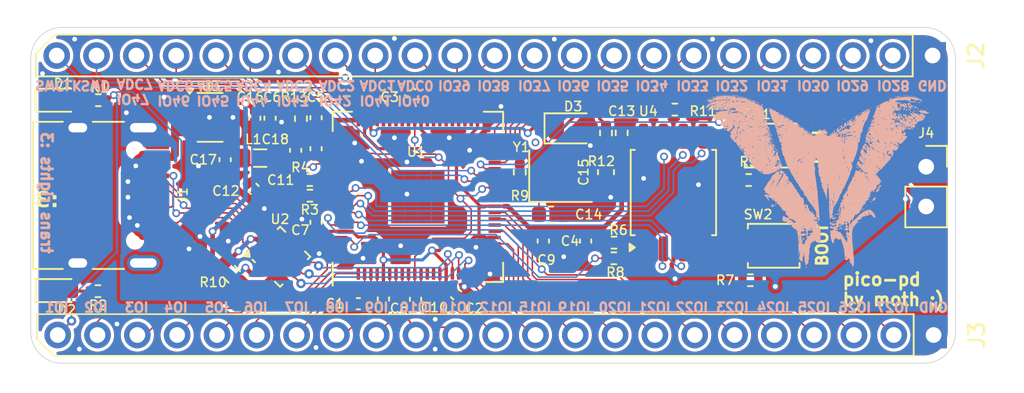
<source format=kicad_pcb>
(kicad_pcb (version 20240108) (generator "pcbnew") (generator_version "8.0")
  (layers (0 "F.Cu" signal) (31 "B.Cu" signal) (34 "B.Paste" user) (35 "F.Paste" user) (36 "B.SilkS" user "B.Silkscreen") (37 "F.SilkS" user "F.Silkscreen") (38 "B.Mask" user) (39 "F.Mask" user) (44 "Edge.Cuts" user))
  (net 0 "")
  (net 1 "3V3_C")
  (net 2 "GND")
  (net 3 "1V1_C")
  (net 4 "XIN")
  (net 5 "Net-(C15-Pad2)")
  (net 6 "Net-(U1-VREG_AVDD)")
  (net 7 "GPIO47_VBUS_ADC")
  (net 8 "VBUS")
  (net 9 "CC1")
  (net 10 "USB_P")
  (net 11 "SBU2")
  (net 12 "USB_N")
  (net 13 "CC2")
  (net 14 "SBU1")
  (net 15 "GPIO32")
  (net 16 "GPIO39")
  (net 17 "GPIO44_ADC4")
  (net 18 "GPIO43_ADC3")
  (net 19 "GPIO46_ADC6")
  (net 20 "GPIO37")
  (net 21 "GPIO36")
  (net 22 "GPIO40_ADC0")
  (net 23 "GPIO34")
  (net 24 "GPIO38")
  (net 25 "GPIO29")
  (net 26 "GPIO35")
  (net 27 "GPIO42_ADC2")
  (net 28 "GPIO41_ADC1")
  (net 29 "GPIO28")
  (net 30 "GPIO31")
  (net 31 "GPIO45_ADC5")
  (net 32 "GPIO30")
  (net 33 "GPIO33")
  (net 34 "GPIO15")
  (net 35 "GPIO22")
  (net 36 "GPIO2_PWR_LED")
  (net 37 "GPIO21")
  (net 38 "GPIO8")
  (net 39 "GPIO27")
  (net 40 "GPIO11")
  (net 41 "GPIO1_USR_LED")
  (net 42 "GPIO24")
  (net 43 "GPIO5")
  (net 44 "GPIO7")
  (net 45 "GPIO23")
  (net 46 "GPIO6")
  (net 47 "GPIO9")
  (net 48 "GPIO3")
  (net 49 "GPIO19")
  (net 50 "GPIO4")
  (net 51 "GPIO25")
  (net 52 "GPIO10")
  (net 53 "GPIO26")
  (net 54 "GPIO12")
  (net 55 "Net-(U1-VREG_LX)")
  (net 56 "Net-(U1-RUN)")
  (net 57 "Net-(U4-~{CS})")
  (net 58 "QSPI_CS")
  (net 59 "Net-(R7-Pad1)")
  (net 60 "GPIO0_CS")
  (net 61 "XOUT")
  (net 62 "VCONN")
  (net 63 "SWD")
  (net 64 "QSPI_SD0")
  (net 65 "SWCLK")
  (net 66 "QSPI_SCLK")
  (net 67 "UART0_RX")
  (net 68 "QSPI_SD1")
  (net 69 "QSPI_SD3")
  (net 70 "SDA_FUSB")
  (net 71 "INT_FUSB")
  (net 72 "UART0_TX")
  (net 74 "QSPI_SD2")
  (net 75 "SCL_FUSB")
  (net 77 "Net-(U1-USB_D+)")
  (net 78 "Net-(U1-USB_D-)")
  (net 79 "Net-(D1-A)")
  (net 80 "Net-(D2-A)")
  (net 81 "GPIO20")
  (footprint "Capacitor_SMD:C_0402_1005Metric" (layer "F.Cu") (at 123.9 67.6 -90)
    (property "Reference" "C4")
    (property "Value" "100n")
  )
  (footprint "Capacitor_SMD:C_0402_1005Metric" (layer "F.Cu") (at 113.05 71.32 -90)
    (property "Reference" "C10")
    (property "Value" "100n")
  )
  (footprint "LED_SMD:LED_0603_1608Metric" (layer "F.Cu") (at 90.297991 70.761327)
    (property "Reference" "D2")
    (property "Value" "USR")
  )
  (footprint "Resistor_SMD:R_0402_1005Metric" (layer "F.Cu") (at 134.3 63.7)
    (property "Reference" "R5")
    (property "Value" "27r")
  )
  (footprint "Package_TO_SOT_SMD:SOT-23-5" (layer "F.Cu") (at 99.940047 59.697002)
    (property "Reference" "U3")
    (property "Value" "AP2112K-3.3")
  )
  (footprint "Package_DFN_QFN:WQFN-14-1EP_2.5x2.5mm_P0.5mm_EP1.45x1.45mm" (layer "F.Cu") (at 104.409117 68.6 45)
    (property "Reference" "U2")
    (property "Value" "FUSB302B01MPX")
  )
  (footprint "Capacitor_SMD:C_0402_1005Metric" (layer "F.Cu") (at 103.765189 59.74844 -90)
    (property "Reference" "C6")
    (property "Value" "100n")
  )
  (footprint "Connector_PinSocket_2.54mm:PinSocket_1x02_P2.54mm_Vertical" (layer "F.Cu") (at 145.625 62.85)
    (property "Reference" "J4")
    (property "Value" "Conn_01x02_Pin")
  )
  (footprint "header:PinSocket_1x23_P2.54mm_Vertical_other" (layer "F.Cu") (at 146.1 73.6 -90)
    (property "Reference" "J3")
    (property "Value" "GPIO_2")
  )
  (footprint "Capacitor_SMD:C_0603_1608Metric" (layer "F.Cu") (at 121.7 65.9 180)
    (property "Reference" "C14")
    (property "Value" "22pF")
  )
  (footprint "Capacitor_SMD:C_0402_1005Metric" (layer "F.Cu") (at 105.4 61.8 -90)
    (property "Reference" "C18")
    (property "Value" "4.7u")
  )
  (footprint "Connector_USB:USB_C_Receptacle_HRO_TYPE-C-31-M-12" (layer "F.Cu") (at 92.55 64.68 -90)
    (property "Reference" "J1")
    (property "Value" "USB_C_Receptacle")
  )
  (footprint "Capacitor_SMD:C_0402_1005Metric" (layer "F.Cu") (at 109.4 71.6 180)
    (property "Reference" "C1")
    (property "Value" "100n")
  )
  (footprint "Package_SO:SOIC-8_5.23x5.23mm_P1.27mm" (layer "F.Cu") (at 129.5 64.5 90)
    (property "Reference" "U4")
    (property "Value" "W25Q32JVSS")
  )
  (footprint "Resistor_SMD:R_0402_1005Metric" (layer "F.Cu") (at 105.738504 59.780049 -90)
    (property "Reference" "R13")
    (property "Value" "33r")
  )
  (footprint "Capacitor_SMD:C_0402_1005Metric" (layer "F.Cu") (at 111 71.3 -90)
    (property "Reference" "C8")
    (property "Value" "100n")
  )
  (footprint "Resistor_SMD:R_0402_1005Metric" (layer "F.Cu") (at 125.2 60.7 -90)
    (property "Reference" "R12")
    (property "Value" "1K")
  )
  (footprint "RP2350XB:QFN-80_EP_10.573x10.573_Pitch0.4mm" (layer "F.Cu") (at 113.2 64.775 90)
    (property "Reference" "U1")
    (property "Value" "~")
  )
  (footprint "LED_SMD:LED_0603_1608Metric" (layer "F.Cu") (at 90.287501 58.6)
    (property "Reference" "D1")
    (property "Value" "PWR")
  )
  (footprint "Capacitor_SMD:C_0402_1005Metric" (layer "F.Cu") (at 100.9 62.4 90)
    (property "Reference" "C17")
    (property "Value" "4.7u")
  )
  (footprint "Resistor_SMD:R_0402_1005Metric" (layer "F.Cu") (at 125.71 67.7 180)
    (property "Reference" "R6")
    (property "Value" "10k")
  )
  (footprint "Resistor_SMD:R_0402_1005Metric" (layer "F.Cu") (at 125.7 68.7)
    (property "Reference" "R8")
    (property "Value" "0r")
  )
  (footprint "Resistor_SMD:R_0402_1005Metric" (layer "F.Cu") (at 106.31 64.7)
    (property "Reference" "R3")
    (property "Value" "27r")
  )
  (footprint "Capacitor_SMD:C_0402_1005Metric" (layer "F.Cu") (at 106.7 61.7 -90)
    (property "Reference" "C11")
    (property "Value" "4.7u")
  )
  (footprint "Button_Switch_SMD:SW_SPST_B3U-1000P" (layer "F.Cu") (at 135.7 61.5 180)
    (property "Reference" "SW1")
    (property "Value" "RUN")
  )
  (footprint "Capacitor_SMD:C_0402_1005Metric" (layer "F.Cu") (at 115.639411 71 -45)
    (property "Reference" "C2")
    (property "Value" "100n")
  )
  (footprint "Capacitor_SMD:C_0402_1005Metric" (layer "F.Cu") (at 121.2 67.6 -90)
    (property "Reference" "C9")
    (property "Value" "100n")
  )
  (footprint "Capacitor_SMD:C_0402_1005Metric" (layer "F.Cu") (at 106.7 66.4 90)
    (property "Reference" "C7")
    (property "Value" "100n")
  )
  (footprint "Resistor_SMD:R_0402_1005Metric" (layer "F.Cu") (at 129.590001 59.2)
    (property "Reference" "R11")
    (property "Value" "10K")
  )
  (footprint "Capacitor_SMD:C_0603_1608Metric" (layer "F.Cu") (at 125.2 63.2 90)
    (property "Reference" "C15")
    (property "Value" "22pF")
  )
  (footprint "Resistor_SMD:R_0402_1005Metric" (layer "F.Cu") (at 92.79 70.8)
    (property "Reference" "R2")
    (property "Value" "1.5k")
  )
  (footprint "Resistor_SMD:R_0402_1005Metric" (layer "F.Cu") (at 126.2 60.690001 90)
    (property "Reference" "C13")
    (property "Value" "100n")
  )
  (footprint "Resistor_SMD:R_0402_1005Metric" (layer "F.Cu") (at 106.3 63.7)
    (property "Reference" "R4")
    (property "Value" "27r")
  )
  (footprint "Capacitor_SMD:C_0402_1005Metric" (layer "F.Cu") (at 102.710589 64.260589 -45)
    (property "Reference" "C12")
    (property "Value" "100n")
  )
  (footprint "Inductor_SMD:L_0805_2012Metric" (layer "F.Cu") (at 103.1375 62.3 180)
    (property "Reference" "L1")
    (property "Value" "3.3u")
  )
  (footprint "Resistor_SMD:R_0603_1608Metric" (layer "F.Cu") (at 101.316637 69.716637 135)
    (property "Reference" "R10")
    (property "Value" "0R")
  )
  (footprint "Resistor_SMD:R_0402_1005Metric" (layer "F.Cu") (at 119.7 63.2 90)
    (property "Reference" "R9")
    (property "Value" "1K")
  )
  (footprint "Capacitor_SMD:C_0402_1005Metric" (layer "F.Cu") (at 112.7 58.1 135)
    (property "Reference" "C3")
    (property "Value" "100n")
  )
  (footprint "Capacitor_SMD:C_0402_1005Metric" (layer "F.Cu") (at 102.790472 59.754081 -90)
    (property "Reference" "C16")
    (property "Value" "4.7u")
  )
  (footprint "Button_Switch_SMD:SW_SPST_B3U-1000P" (layer "F.Cu") (at 135.9 67.9)
    (property "Reference" "SW2")
    (property "Value" "USB_BOOT")
  )
  (footprint "header:PinSocket_1x23_P2.54mm_Vertical" (layer "F.Cu") (at 146.036349 55.748043 -90)
    (property "Reference" "J2")
    (property "Value" "GPIO_1")
  )
  (footprint "Resistor_SMD:R_0402_1005Metric" (layer "F.Cu") (at 92.81 58.6)
    (property "Reference" "R1")
    (property "Value" "1.5k")
  )
  (footprint "Resistor_SMD:R_0402_1005Metric" (layer "F.Cu") (at 134.409999 70.1 180)
    (property "Reference" "R7")
    (property "Value" "1k")
  )
  (footprint "Crystal:Crystal_SMD_3225-4Pin_3.2x2.5mm" (layer "F.Cu") (at 122.3 63.45)
    (property "Reference" "Y1")
    (property "Value" "12MHz")
  )
  (footprint "Diode_SMD:D_0805_2012Metric" (layer "F.Cu") (at 122.962499 60.4)
    (property "Reference" "D3")
    (property "Value" "3V6")
  )
  (footprint "Capacitor_SMD:C_0402_1005Metric" (layer "F.Cu") (at 106.7 59.72 -90)
    (property "Reference" "C5")
    (property "Value" "100n")
  )
  (gr_poly (pts (xy 132.161999 59.256234) (xy 132.16351 59.256277) (xy 132.164959 59.256353) (xy 132.166345 59.256461) (xy 132.167666 59.2566) (xy 132.168921 59.256769) (xy 132.170107 59.256967) (xy 132.171225 59.25719) (xy 132.172272 59.257441) (xy 132.173247 59.257717) (xy 132.174146 59.258015) (xy 132.174971 59.258335) (xy 132.175718 59.258676) (xy 132.176385 59.259036) (xy 132.17697 59.259414) (xy 132.177475 59.25981) (xy 132.177895 59.26022) (xy 132.178231 59.260645) (xy 132.178477 59.261082) (xy 132.178567 59.261306) (xy 132.178636 59.261531) (xy 132.178682 59.261761) (xy 132.178704 59.261992) (xy 132.178704 59.262224) (xy 132.178681 59.262461) (xy 132.178634 59.262697) (xy 132.178564 59.262937) (xy 132.178469 59.263178) (xy 132.178351 59.26342) (xy 132.178041 59.263908) (xy 132.177632 59.264399) (xy 132.177125 59.264894) (xy 132.176515 59.26539) (xy 132.175401 59.26634) (xy 132.174061 59.267202) (xy 132.172515 59.267972) (xy 132.170782 59.268643) (xy 132.168884 59.26921) (xy 132.166841 59.269669) (xy 132.164674 59.270015) (xy 132.162403 59.270241) (xy 132.160049 59.270343) (xy 132.157635 59.270316) (xy 132.155179 59.270156) (xy 132.152702 59.269855) (xy 132.150225 59.269411) (xy 132.147769 59.268816) (xy 132.145354 59.268065) (xy 132.143001 59.267155) (xy 132.140581 59.266164) (xy 132.138608 59.265181) (xy 132.137787 59.264694) (xy 132.137075 59.264213) (xy 132.13647 59.263737) (xy 132.135973 59.263268) (xy 132.135581 59.262806) (xy 132.135294 59.262355) (xy 132.135112 59.261912) (xy 132.135032 59.26148) (xy 132.135055 59.26106) (xy 132.135178 59.260652) (xy 132.135402 59.260257) (xy 132.135724 59.259877) (xy 132.136146 59.259513) (xy 132.136664 59.259166) (xy 132.137278 59.258835) (xy 132.137988 59.258524) (xy 132.139689 59.25796) (xy 132.14176 59.25748) (xy 132.144192 59.257094) (xy 132.14698 59.256808) (xy 132.150112 59.25663) (xy 132.153584 59.256571) (xy 132.155377 59.256425) (xy 132.157116 59.256321) (xy 132.158801 59.256255) (xy 132.160428 59.256225)) (stroke (width -0.000001)) (fill solid) (layer "B.SilkS"))
  (gr_poly (pts (xy 135.993156 65.264514) (xy 135.995122 65.264767) (xy 135.997159 65.265212) (xy 135.999272 65.265837) (xy 136.00147 65.26664) (xy 136.003756 65.267608) (xy 136.006137 65.268734) (xy 136.008619 65.270013) (xy 136.011208 65.271433) (xy 136.015054 65.273401) (xy 136.018651 65.275335) (xy 136.022002 65.277232) (xy 136.025107 65.279088) (xy 136.027966 65.2809) (xy 136.030579 65.282664) (xy 136.03295 65.284379) (xy 136.035077 65.286039) (xy 136.03696 65.287644) (xy 136.038601 65.289187) (xy 136.040002 65.290667) (xy 136.041161 65.292083) (xy 136.042079 65.293427) (xy 136.042758 65.294698) (xy 136.043198 65.295893) (xy 136.0434 65.297009) (xy 136.043364 65.298042) (xy 136.043091 65.298989) (xy 136.042581 65.299847) (xy 136.041836 65.300612) (xy 136.040855 65.301282) (xy 136.03964 65.301852) (xy 136.038191 65.302321) (xy 136.036509 65.302685) (xy 136.034594 65.302941) (xy 136.032449 65.303085) (xy 136.030071 65.303113) (xy 136.027462 65.303023) (xy 136.024625 65.302811) (xy 136.021557 65.302475) (xy 136.018261 65.302012) (xy 136.014737 65.301418) (xy 136.013098 65.301118) (xy 136.011494 65.300878) (xy 136.009923 65.300697) (xy 136.008388 65.300574) (xy 136.00689 65.300505) (xy 136.005431 65.300492) (xy 136.004013 65.30053) (xy 136.002637 65.300619) (xy 136.001306 65.300756) (xy 136.00002 65.300942) (xy 135.998781 65.301174) (xy 135.997591 65.301449) (xy 135.99645 65.301767) (xy 135.995363 65.302127) (xy 135.994329 65.302525) (xy 135.99335 65.302962) (xy 135.992427 65.303434) (xy 135.991564 65.303942) (xy 135.990759 65.304481) (xy 135.990018 65.305053) (xy 135.98934 65.305654) (xy 135.988726 65.306282) (xy 135.988178 65.306939) (xy 135.9877 65.30762) (xy 135.98729 65.308324) (xy 135.986952 65.309049) (xy 135.986688 65.309794) (xy 135.986497 65.310558) (xy 135.986383 65.311339) (xy 135.986346 65.312134) (xy 135.98639 65.312944) (xy 135.986515 65.313764) (xy 135.986662 65.315951) (xy 135.986455 65.318515) (xy 135.985914 65.321428) (xy 135.985054 65.324652) (xy 135.983893 65.328155) (xy 135.982452 65.331904) (xy 135.980748 65.335865) (xy 135.978798 65.340003) (xy 135.97662 65.344287) (xy 135.974233 65.348682) (xy 135.971655 65.353154) (xy 135.968903 65.357669) (xy 135.965997 65.362197) (xy 135.962954 65.3667) (xy 135.959791 65.371145) (xy 135.956528 65.375502) (xy 135.945521 65.389896) (xy 135.937593 65.3997) (xy 135.934766 65.40274) (xy 135.932685 65.404461) (xy 135.931922 65.40481) (xy 135.931343 65.404808) (xy 135.930946 65.404448) (xy 135.930731 65.403724) (xy 135.930843 65.401151) (xy 135.931672 65.397033) (xy 135.933207 65.391313) (xy 135.935445 65.383935) (xy 135.941987 65.363974) (xy 135.951237 65.336696) (xy 135.955379 65.32358) (xy 135.95924 65.311971) (xy 135.962868 65.301803) (xy 135.96461 65.297239) (xy 135.966313 65.293012) (xy 135.967981 65.289113) (xy 135.969623 65.285534) (xy 135.971242 65.282266) (xy 135.972848 65.279304) (xy 135.974444 65.276636) (xy 135.976037 65.274257) (xy 135.977633 65.272158) (xy 135.979238 65.27033) (xy 135.98086 65.268765) (xy 135.982502 65.267455) (xy 135.984173 65.266394) (xy 135.985877 65.265572) (xy 135.987622 65.264981) (xy 135.989412 65.264613) (xy 135.991254 65.26446)) (stroke (width -0.000001)) (fill solid) (layer "B.SilkS"))
  (gr_poly (pts (xy 140.628973 59.936294) (xy 140.631112 59.936631) (xy 140.633039 59.937212) (xy 140.634749 59.938036) (xy 140.636236 59.9391) (xy 140.637496 59.940403) (xy 140.638523 59.941941) (xy 140.639313 59.943715) (xy 140.63986 59.945719) (xy 140.640159 59.947953) (xy 140.640205 59.950413) (xy 140.639991 59.953099) (xy 140.639515 59.956006) (xy 140.638771 59.959135) (xy 140.637751 59.962481) (xy 140.636454 59.966044) (xy 140.634872 59.969819) (xy 140.633 59.973806) (xy 140.630834 59.978002) (xy 140.628912 59.981678) (xy 140.627116 59.985414) (xy 140.62545 59.989194) (xy 140.623916 59.992995) (xy 140.622516 59.996794) (xy 140.621253 60.000574) (xy 140.62013 60.004312) (xy 140.619149 60.007987) (xy 140.618311 60.011581) (xy 140.617621 60.01507) (xy 140.617083 60.018437) (xy 140.616696 60.021658) (xy 140.616462 60.024714) (xy 140.616389 60.027583) (xy 140.616474 60.030246) (xy 140.616723 60.032682) (xy 140.617411 60.036035) (xy 140.617833 60.039154) (xy 140.617998 60.042034) (xy 140.617918 60.044682) (xy 140.617604 60.047095) (xy 140.617068 60.049274) (xy 140.61632 60.051223) (xy 140.615372 60.05294) (xy 140.614236 60.054427) (xy 140.612923 60.055685) (xy 140.611443 60.056715) (xy 140.609809 60.057518) (xy 140.608031 60.058095) (xy 140.60612 60.058446) (xy 140.604091 60.058574) (xy 140.601951 60.05848) (xy 140.599712 60.058162) (xy 140.597387 60.057623) (xy 140.594985 60.056863) (xy 140.59252 60.055885) (xy 140.590003 60.054689) (xy 140.587444 60.053274) (xy 140.584854 60.051644) (xy 140.582245 60.049798) (xy 140.579628 60.047737) (xy 140.577014 60.045462) (xy 140.574416 60.042976) (xy 140.571844 60.040279) (xy 140.569308 60.03737) (xy 140.566823 60.034252) (xy 140.564397 60.030925) (xy 140.562043 60.02739) (xy 140.558345 60.021405) (xy 140.555204 60.01597) (xy 140.553847 60.013437) (xy 140.552635 60.011014) (xy 140.551573 60.008696) (xy 140.55066 60.006471) (xy 140.549898 60.004331) (xy 140.549294 60.002269) (xy 140.548845 60.000273) (xy 140.548555 59.998337) (xy 140.548427 59.996451) (xy 140.548461 59.994607) (xy 140.548664 59.992796) (xy 140.549033 59.99101) (xy 140.549574 59.989239) (xy 140.550286 59.987473) (xy 140.551176 59.985708) (xy 140.55224 59.983931) (xy 140.553485 59.982133) (xy 140.554913 59.980309) (xy 140.556524 59.978448) (xy 140.558322 59.976541) (xy 140.560308 59.97458) (xy 140.562485 59.972555) (xy 140.567421 59.968283) (xy 140.573146 59.963654) (xy 140.579682 59.958599) (xy 140.584244 59.955265) (xy 140.588667 59.952208) (xy 140.592945 59.949426) (xy 140.597073 59.946916) (xy 140.601045 59.944676) (xy 140.604859 59.942704) (xy 140.608506 59.940998) (xy 140.611982 59.939553) (xy 140.615284 59.938372) (xy 140.618405 59.937448) (xy 140.621339 59.936781) (xy 140.624082 59.936368) (xy 140.626628 59.936205)) (stroke (width -0.000001)) (fill solid) (layer "B.SilkS"))
  (gr_poly (pts (xy 144.828492 58.948734) (xy 144.829512 58.94883) (xy 144.83054 58.949001) (xy 144.831573 58.949248) (xy 144.832611 58.949569) (xy 144.833649 58.949965) (xy 144.834688 58.950435) (xy 144.835725 58.950976) (xy 144.836754 58.951592) (xy 144.837778 58.952279) (xy 144.838792 58.953036) (xy 144.839793 58.953864) (xy 144.84078 58.954762) (xy 144.841751 58.955728) (xy 144.842702 58.956766) (xy 144.843634 58.957867) (xy 144.844542 58.959038) (xy 144.845423 58.960274) (xy 144.846278 58.961577) (xy 144.847103 58.962946) (xy 144.847895 58.964378) (xy 144.848653 58.965874) (xy 144.849373 58.967434) (xy 144.850056 58.969058) (xy 144.853422 58.977831) (xy 144.856236 58.985662) (xy 144.858482 58.992606) (xy 144.859386 58.99576) (xy 144.860143 58.998713) (xy 144.860749 59.001467) (xy 144.861205 59.004033) (xy 144.861507 59.006416) (xy 144.861653 59.008621) (xy 144.86164 59.010655) (xy 144.861469 59.012526) (xy 144.861136 59.014239) (xy 144.86064 59.0158) (xy 144.859978 59.017217) (xy 144.859149 59.018496) (xy 144.858151 59.019643) (xy 144.85698 59.020665) (xy 144.855639 59.021568) (xy 144.854121 59.022357) (xy 144.852427 59.023043) (xy 144.850553 59.023627) (xy 144.848499 59.02412) (xy 144.846261 59.024525) (xy 144.843839 59.024851) (xy 144.841231 59.025103) (xy 144.835445 59.025411) (xy 144.82889 59.025501) (xy 144.82535 59.02536) (xy 144.822009 59.024942) (xy 144.818864 59.02426) (xy 144.815923 59.023332) (xy 144.813181 59.022168) (xy 144.810643 59.020781) (xy 144.808309 59.019188) (xy 144.80618 59.017399) (xy 144.804258 59.01543) (xy 144.802543 59.013294) (xy 144.801038 59.011003) (xy 144.799744 59.008572) (xy 144.798662 59.006016) (xy 144.797793 59.003346) (xy 144.797138 59.000576) (xy 144.796699 58.997721) (xy 144.796477 58.994792) (xy 144.796473 58.991807) (xy 144.796689 58.988775) (xy 144.797125 58.985711) (xy 144.797785 58.98263) (xy 144.798668 58.979544) (xy 144.799775 58.976467) (xy 144.801109 58.973412) (xy 144.802669 58.970394) (xy 144.804459 58.967426) (xy 144.806478 58.96452) (xy 144.808729 58.961692) (xy 144.811212 58.958954) (xy 144.81393 58.95632) (xy 144.816882 58.953803) (xy 144.820071 58.951419) (xy 144.820913 58.950798) (xy 144.821783 58.95026) (xy 144.82268 58.949803) (xy 144.823601 58.949426) (xy 144.824545 58.949131) (xy 144.825508 58.948915) (xy 144.826489 58.948777) (xy 144.827484 58.948717)) (stroke (width -0.000001)) (fill solid) (layer "B.SilkS"))
  (gr_poly (pts (xy 144.986855 59.281076) (xy 144.988122 59.281168) (xy 144.989424 59.281324) (xy 144.990764 59.28154) (xy 144.992137 59.28182) (xy 144.993546 59.282161) (xy 144.996459 59.283029) (xy 145.006547 59.28799) (xy 145.011031 59.290223) (xy 145.013081 59.291277) (xy 145.014979 59.29229) (xy 145.016714 59.293262) (xy 145.018267 59.294192) (xy 145.019623 59.295081) (xy 145.020768 59.295928) (xy 145.021255 59.296336) (xy 145.021685 59.296734) (xy 145.022054 59.297121) (xy 145.02236 59.297498) (xy 145.0226 59.297865) (xy 145.022776 59.298222) (xy 145.022882 59.298569) (xy 145.022918 59.298905) (xy 145.022882 59.299241) (xy 145.022776 59.299587) (xy 145.02236 59.30031) (xy 145.021685 59.301075) (xy 145.020767 59.30188) (xy 145.019623 59.302729) (xy 145.018267 59.303618) (xy 145.016714 59.304548) (xy 145.01498 59.305519) (xy 145.011032 59.307586) (xy 145.006547 59.309818) (xy 144.996459 59.314779) (xy 144.994986 59.315243) (xy 144.993545 59.315647) (xy 144.992137 59.315988) (xy 144.990764 59.316268) (xy 144.989425 59.316485) (xy 144.988122 59.31664) (xy 144.986856 59.316733) (xy 144.985627 59.316763) (xy 144.984438 59.316733) (xy 144.983288 59.31664) (xy 144.982179 59.316485) (xy 144.98111 59.316268) (xy 144.980086 59.315988) (xy 144.979105 59.315648) (xy 144.978168 59.315245) (xy 144.977277 59.314779) (xy 144.976431 59.314252) (xy 144.975634 59.313663) (xy 144.974885 59.313012) (xy 144.974185 59.312299) (xy 144.973536 59.311524) (xy 144.97294 59.310687) (xy 144.972394 59.309788) (xy 144.971901 59.308826) (xy 144.971464 59.307802) (xy 144.971082 59.306718) (xy 144.970755 59.305571) (xy 144.970486 59.304362) (xy 144.970274 59.303089) (xy 144.970123 59.301757) (xy 144.97003 59.300361) (xy 144.969999 59.298905) (xy 144.97003 59.297447) (xy 144.970123 59.296052) (xy 144.970275 59.294719) (xy 144.970486 59.293447) (xy 144.970755 59.292238) (xy 144.971082 59.291091) (xy 144.971464 59.290006) (xy 144.971901 59.288983) (xy 144.972394 59.288021) (xy 144.97294 59.287122) (xy 144.973537 59.286285) (xy 144.974186 59.28551) (xy 144.974885 59.284797) (xy 144.975635 59.284146) (xy 144.976432 59.283557) (xy 144.977277 59.283029) (xy 144.978168 59.282564) (xy 144.979105 59.282161) (xy 144.980086 59.28182) (xy 144.981111 59.281541) (xy 144.982179 59.281324) (xy 144.983287 59.281168) (xy 144.984438 59.281077) (xy 144.985628 59.281045)) (stroke (width -0.000001)) (fill solid) (layer "B.SilkS"))
  (gr_poly (pts (xy 138.016916 69.222574) (xy 138.017081 69.222666) (xy 138.017409 69.223025) (xy 138.01773 69.223612) (xy 138.018046 69.224418) (xy 138.01835 69.225429) (xy 138.018642 69.226636) (xy 138.019176 69.229599) (xy 138.019627 69.233223) (xy 138.019975 69.237426) (xy 138.020198 69.242124) (xy 138.020277 69.247237) (xy 138.020242 69.248556) (xy 138.020136 69.249861) (xy 138.019961 69.251152) (xy 138.01972 69.252427) (xy 138.019414 69.253684) (xy 138.019046 69.254919) (xy 138.018616 69.256134) (xy 138.018127 69.257326) (xy 138.017584 69.258491) (xy 138.016984 69.259627) (xy 138.01633 69.260735) (xy 138.015627 69.26181) (xy 138.014874 69.262853) (xy 138.014075 69.26386) (xy 138.013229 69.26483) (xy 138.01234 69.265759) (xy 138.011411 69.266648) (xy 138.010442 69.267493) (xy 138.009435 69.268292) (xy 138.008392 69.269045) (xy 138.007317 69.26975) (xy 138.00621 69.270403) (xy 138.005072 69.271003) (xy 138.003906 69.271546) (xy 138.002716 69.272034) (xy 138.001502 69.272465) (xy 138.000265 69.272833) (xy 137.999009 69.273139) (xy 137.997734 69.27338) (xy 137.996443 69.273555) (xy 137.995138 69.273661) (xy 137.99382 69.273697) (xy 137.992517 69.273728) (xy 137.991258 69.273819) (xy 137.990042 69.27397) (xy 137.98887 69.274179) (xy 137.987741 69.274445) (xy 137.986662 69.274767) (xy 137.985628 69.275141) (xy 137.984641 69.275571) (xy 137.983706 69.276051) (xy 137.98282 69.276582) (xy 137.981984 69.277162) (xy 137.981201 69.277789) (xy 137.980469 69.278463) (xy 137.979793 69.279182) (xy 137.979171 69.279945) (xy 137.978607 69.280752) (xy 137.978098 69.281599) (xy 137.977647 69.282487) (xy 137.977255 69.283412) (xy 137.976922 69.284376) (xy 137.97665 69.285375) (xy 137.97644 69.286411) (xy 137.976293 69.287479) (xy 137.976208 69.288579) (xy 137.97619 69.289711) (xy 137.976236 69.290872) (xy 137.976348 69.292062) (xy 137.976529 69.293279) (xy 137.976778 69.294522) (xy 137.977096 69.295789) (xy 137.977485 69.297079) (xy 137.977945 69.298392) (xy 137.9784 69.299559) (xy 137.978774 69.300745) (xy 137.979068 69.301946) (xy 137.979285 69.30316) (xy 137.979426 69.304384) (xy 137.979491 69.305616) (xy 137.979484 69.306853) (xy 137.979406 69.308093) (xy 137.979257 69.309331) (xy 137.97904 69.310569) (xy 137.978758 69.311802) (xy 137.97841 69.313025) (xy 137.977999 69.314239) (xy 137.977526 69.315441) (xy 137.976993 69.316626) (xy 137.976401 69.317793) (xy 137.975752 69.318941) (xy 137.975049 69.320065) (xy 137.974293 69.321161) (xy 137.973483 69.32223) (xy 137.972624 69.32327) (xy 137.971716 69.324274) (xy 137.97076 69.325243) (xy 137.96976 69.326173) (xy 137.968714 69.327061) (xy 137.967628 69.327906) (xy 137.9665 69.328704) (xy 137.965332 69.329453) (xy 137.964127 69.330149) (xy 137.962888 69.330793) (xy 137.961614 69.33138) (xy 137.960307 69.331906) (xy 137.956172 69.333275) (xy 137.952363 69.334094) (xy 137.94888 69.334392) (xy 137.945715 69.334197) (xy 137.942868 69.333538) (xy 137.940335 69.332444) (xy 137.938109 69.330943) (xy 137.93619 69.329067) (xy 137.934574 69.32684) (xy 137.933255 69.324294) (xy 137.932233 69.321455) (xy 137.931502 69.318355) (xy 137.931059 69.315021) (xy 137.9309 69.311482) (xy 137.931022 69.307766) (xy 137.931422 69.303903) (xy 137.932096 69.299921) (xy 137.93304 69.295849) (xy 137.93425 69.291714) (xy 137.935725 69.287549) (xy 137.937458 69.283378) (xy 137.939449 69.279233) (xy 137.941692 69.275142) (xy 137.944183 69.271133) (xy 137.94692 69.267235) (xy 137.949899 69.263477) (xy 137.953116 69.259887) (xy 137.956569 69.256495) (xy 137.960252 69.253329) (xy 137.964163 69.250418) (xy 137.968297 69.24779) (xy 137.972654 69.245475) (xy 137.980481 69.241016) (xy 137.987977 69.236929) (xy 137.994978 69.233257) (xy 138.001316 69.230039) (xy 138.006829 69.227318) (xy 138.011349 69.225134) (xy 138.01675 69.222544)) (stroke (width -0.000001)) (fill solid) (layer "B.SilkS"))
  (gr_poly (pts (xy 137.740641 67.368716) (xy 137.741452 67.368779) (xy 137.742249 67.36888) (xy 137.743034 67.36902) (xy 137.743804 67.369199) (xy 137.74456 67.369418) (xy 137.745298 67.369672) (xy 137.74602 67.369964) (xy 137.746725 67.370293) (xy 137.74741 67.370656) (xy 137.748075 67.371055) (xy 137.748719 67.371487) (xy 137.749341 67.371954) (xy 137.749939 67.372453) (xy 137.750515 67.372984) (xy 137.751065 67.373547) (xy 137.751589 67.374142) (xy 137.752087 67.374766) (xy 137.752557 67.375421) (xy 137.752997 67.376104) (xy 137.753409 67.376816) (xy 137.753789 67.377555) (xy 137.754139 67.378322) (xy 137.754455 67.379115) (xy 137.754738 67.379934) (xy 137.754986 67.380778) (xy 137.755199 67.381647) (xy 137.755375 67.382538) (xy 137.755513 67.383455) (xy 137.755614 67.384394) (xy 137.755675 67.385354) (xy 137.755695 67.386336) (xy 137.755658 67.387162) (xy 137.755553 67.387987) (xy 137.755376 67.388809) (xy 137.755134 67.389626) (xy 137.754825 67.390436) (xy 137.754451 67.391238) (xy 137.754015 67.392031) (xy 137.753517 67.392812) (xy 137.752347 67.394334) (xy 137.750951 67.395792) (xy 137.749344 67.397172) (xy 137.747536 67.398462) (xy 137.745545 67.399647) (xy 137.743379 67.400718) (xy 137.741052 67.401658) (xy 137.73858 67.402457) (xy 137.735972 67.403102) (xy 137.733243 67.403577) (xy 137.730405 67.403872) (xy 137.727473 67.403974) (xy 137.726171 67.403948) (xy 137.724911 67.403872) (xy 137.723694 67.403748) (xy 137.722522 67.403577) (xy 137.721395 67.40336) (xy 137.720314 67.403102) (xy 137.719281 67.4028) (xy 137.718295 67.402458) (xy 137.717359 67.402077) (xy 137.716472 67.401659) (xy 137.715637 67.401206) (xy 137.714853 67.400718) (xy 137.714123 67.400198) (xy 137.713447 67.399648) (xy 137.712825 67.399069) (xy 137.71226 67.398462) (xy 137.71175 67.397829) (xy 137.7113 67.397172) (xy 137.710907 67.396492) (xy 137.710575 67.395792) (xy 137.710303 67.395072) (xy 137.710093 67.394334) (xy 137.709945 67.39358) (xy 137.709862 67.392812) (xy 137.709843 67.39203) (xy 137.709889 67.391238) (xy 137.710002 67.390436) (xy 137.710181 67.389626) (xy 137.710431 67.388809) (xy 137.710749 67.387986) (xy 137.711137 67.387161) (xy 137.711598 67.386335) (xy 137.712671 67.384394) (xy 137.713896 67.382538) (xy 137.715261 67.380778) (xy 137.716752 67.379115) (xy 137.718357 67.377555) (xy 137.720063 67.376104) (xy 137.721856 67.374766) (xy 137.723725 67.373548) (xy 137.725654 67.372453) (xy 137.727634 67.371487) (xy 137.729651 67.370655) (xy 137.731689 67.369964) (xy 137.733739 67.369418) (xy 137.735786 67.36902) (xy 137.737817 67.368779) (xy 137.73982 67.368697)) (stroke (width -0.000001)) (fill solid) (layer "B.SilkS"))
  (gr_poly (pts (xy 137.576642 69.110645) (xy 137.578875 69.111292) (xy 137.581443 69.112346) (xy 137.584316 69.113779) (xy 137.590854 69.117675) (xy 137.598249 69.12276) (xy 137.606264 69.128813) (xy 137.614655 69.135616) (xy 137.623183 69.142948) (xy 137.631606 69.150589) (xy 137.639688 69.158322) (xy 137.647185 69.165927) (xy 137.653858 69.173182) (xy 137.659466 69.179868) (xy 137.663769 69.185767) (xy 137.665357 69.188352) (xy 137.666527 69.190658) (xy 137.667252 69.192656) (xy 137.6675 69.194321) (xy 137.667464 69.194812) (xy 137.667358 69.195292) (xy 137.667183 69.195762) (xy 137.666942 69.19622) (xy 137.666636 69.196666) (xy 137.666268 69.1971) (xy 137.665351 69.197932) (xy 137.664205 69.198712) (xy 137.66285 69.199438) (xy 137.661296 69.200106) (xy 137.659562 69.200716) (xy 137.657663 69.201263) (xy 137.655615 69.201746) (xy 137.653432 69.202161) (xy 137.65113 69.202507) (xy 137.648724 69.20278) (xy 137.646231 69.202978) (xy 137.643665 69.2031) (xy 137.641042 69.203141) (xy 137.639553 69.203176) (xy 137.638068 69.203282) (xy 137.636586 69.203456) (xy 137.63511 69.203699) (xy 137.633641 69.204004) (xy 137.632182 69.204373) (xy 137.630734 69.204801) (xy 137.6293 69.20529) (xy 137.627883 69.205835) (xy 137.626482 69.206435) (xy 137.625101 69.207088) (xy 137.623741 69.207792) (xy 137.622403 69.208544) (xy 137.621093 69.209344) (xy 137.618552 69.211077) (xy 137.616136 69.212977) (xy 137.613861 69.215026) (xy 137.611739 69.21721) (xy 137.609789 69.219512) (xy 137.608881 69.220703) (xy 137.608024 69.221917) (xy 137.607216 69.223154) (xy 137.606461 69.224411) (xy 137.605759 69.225686) (xy 137.605114 69.226977) (xy 137.604528 69.228282) (xy 137.604001 69.229599) (xy 137.602638 69.232161) (xy 137.6012 69.23455) (xy 137.600455 69.235677) (xy 137.599695 69.236758) (xy 137.598919 69.237791) (xy 137.59813 69.238777) (xy 137.597328 69.239713) (xy 137.596513 69.2406) (xy 137.595689 69.241434) (xy 137.594854 69.242218) (xy 137.59401 69.242949) (xy 137.593157 69.243625) (xy 137.592298 69.244247) (xy 137.591433 69.244812) (xy 137.590562 69.245321) (xy 137.589688 69.245772) (xy 137.588809 69.246165) (xy 137.587929 69.246497) (xy 137.587048 69.246769) (xy 137.586166 69.246979) (xy 137.585284 69.247126) (xy 137.584405 69.24721) (xy 137.583527 69.247229) (xy 137.582654 69.247183) (xy 137.581784 69.24707) (xy 137.580922 69.24689) (xy 137.580065 69.246641) (xy 137.579215 69.246323) (xy 137.578374 69.245934) (xy 137.577542 69.245475) (xy 137.57593 69.244204) (xy 137.574401 69.2424) (xy 137.572957 69.240096) (xy 137.571598 69.237327) (xy 137.569143 69.230533) (xy 137.567041 69.222296) (xy 137.5653 69.21289) (xy 137.56393 69.202594) (xy 137.562937 69.191682) (xy 137.562329 69.180431) (xy 137.562113 69.169118) (xy 137.562298 69.158021) (xy 137.562891 69.147414) (xy 137.563899 69.137574) (xy 137.565331 69.128778) (xy 137.567197 69.121302) (xy 137.568293 69.118147) (xy 137.5695 69.115424) (xy 137.570818 69.113171) (xy 137.57225 69.11142) (xy 137.5733 69.110681) (xy 137.574773 69.110431)) (stroke (width -0.000001)) (fill solid) (layer "B.SilkS"))
  (gr_poly (pts (xy 136.06181 61.708087) (xy 136.063448 61.708163) (xy 136.064964 61.708288) (xy 136.066358 61.70846) (xy 136.067631 61.708681) (xy 136.068782 61.708952) (xy 136.069812 61.709273) (xy 136.070723 61.709648) (xy 136.071512 61.710075) (xy 136.072183 61.710555) (xy 136.072734 61.711092) (xy 136.073166 61.711684) (xy 136.073478 61.712333) (xy 136.073673 61.713039) (xy 136.073749 61.713805) (xy 136.073707 61.71463) (xy 136.073547 61.715516) (xy 136.07327 61.716463) (xy 136.072876 61.717472) (xy 136.072366 61.718546) (xy 136.071739 61.719685) (xy 136.070997 61.720888) (xy 136.070139 61.722159) (xy 136.069166 61.723497) (xy 136.068078 61.724903) (xy 136.066874 61.72638) (xy 136.064126 61.729544) (xy 136.062225 61.732228) (xy 136.060495 61.734975) (xy 136.05894 61.737772) (xy 136.057565 61.740595) (xy 136.056379 61.743429) (xy 136.055382 61.746254) (xy 136.054581 61.749055) (xy 136.053982 61.751812) (xy 136.053592 61.754507) (xy 136.053412 61.757121) (xy 136.053403 61.758393) (xy 136.053449 61.759638) (xy 136.05355 61.760853) (xy 136.053707 61.762036) (xy 136.053922 61.763187) (xy 136.054194 61.764303) (xy 136.054525 61.76538) (xy 136.054914 61.766415) (xy 136.055362 61.76741) (xy 136.05587 61.768359) (xy 136.05644 61.769261) (xy 136.05707 61.770113) (xy 136.058269 61.771643) (xy 136.05922 61.772924) (xy 136.059922 61.773957) (xy 136.060377 61.774742) (xy 136.060512 61.775043) (xy 136.060583 61.77528) (xy 136.060594 61.775456) (xy 136.060542 61.77557) (xy 136.060429 61.775622) (xy 136.060252 61.775611) (xy 136.060016 61.775539) (xy 136.059716 61.775405) (xy 136.058929 61.774949) (xy 136.057897 61.774247) (xy 136.056615 61.773296) (xy 136.055086 61.772097) (xy 136.051281 61.768955) (xy 136.046487 61.764821) (xy 136.044053 61.7629) (xy 136.041402 61.761111) (xy 136.038565 61.759461) (xy 136.035572 61.757958) (xy 136.032456 61.756611) (xy 136.029247 61.755427) (xy 136.025976 61.754412) (xy 136.022674 61.753577) (xy 136.019372 61.752927) (xy 136.016101 61.752471) (xy 136.012892 61.752215) (xy 136.009776 61.752171) (xy 136.006784 61.752343) (xy 136.003947 61.75274) (xy 136.001296 61.753369) (xy 136.00005 61.753773) (xy 135.998861 61.754238) (xy 135.997549 61.754709) (xy 135.996259 61.755128) (xy 135.994991 61.755496) (xy 135.993749 61.755813) (xy 135.992532 61.75608) (xy 135.991343 61.756296) (xy 135.990182 61.756463) (xy 135.98905 61.756581) (xy 135.98795 61.75665) (xy 135.986881 61.756669) (xy 135.985847 61.756641) (xy 135.984847 61.756564) (xy 135.983884 61.756439) (xy 135.982957 61.756267) (xy 135.98207 61.756048) (xy 135.981223 61.755782) (xy 135.980416 61.755469) (xy 135.979654 61.75511) (xy 135.978934 61.754706) (xy 135.97826 61.754255) (xy 135.977632 61.75376) (xy 135.977053 61.753219) (xy 135.976522 61.752635) (xy 135.976041 61.752005) (xy 135.975613 61.751333) (xy 135.975237 61.750616) (xy 135.974915 61.749856) (xy 135.97465 61.749053) (xy 135.97444 61.748208) (xy 135.97429 61.74732) (xy 135.974197 61.746389) (xy 135.974166 61.745419) (xy 135.974197 61.744422) (xy 135.974289 61.743415) (xy 135.974439 61.742404) (xy 135.974646 61.741388) (xy 135.974909 61.740368) (xy 135.975224 61.739349) (xy 135.975593 61.738331) (xy 135.976013 61.737314) (xy 135.976999 61.735303) (xy 135.978167 61.733326) (xy 135.979506 61.7314) (xy 135.981001 61.729543) (xy 135.982643 61.727768) (xy 135.984417 61.726091) (xy 135.986307 61.724528) (xy 135.988306 61.723094) (xy 135.990397 61.721805) (xy 135.992568 61.720676) (xy 135.993679 61.720177) (xy 135.994806 61.719723) (xy 135.995946 61.719317) (xy 135.997097 61.718961) (xy 135.999243 61.717969) (xy 136.00169 61.716987) (xy 136.004411 61.716019) (xy 136.007378 61.715074) (xy 136.013933 61.713286) (xy 136.021131 61.711684) (xy 136.02874 61.71033) (xy 136.036537 61.709286) (xy 136.040434 61.708899) (xy 136.044292 61.708614) (xy 136.048083 61.708437) (xy 136.051778 61.708377) (xy 136.056161 61.70813) (xy 136.060049 61.708056)) (stroke (width -0.000001)) (fill solid) (layer "B.SilkS"))
  (gr_poly (pts (xy 136.302581 63.047189) (xy 136.302911 63.04725) (xy 136.30324 63.047351) (xy 136.303566 63.047491) (xy 136.304212 63.047889) (xy 136.304841 63.048435) (xy 136.305449 63.049128) (xy 136.306034 63.049959) (xy 136.306586 63.050924) (xy 136.307102 63.052019) (xy 136.307576 63.053238) (xy 136.308004 63.054575) (xy 136.30838 63.056027) (xy 136.308699 63.057585) (xy 136.308957 63.05925) (xy 136.309148 63.061011) (xy 136.309266 63.062865) (xy 136.309306 63.064807) (xy 136.309281 63.065634) (xy 136.309204 63.066459) (xy 136.30908 63.06728) (xy 136.308907 63.068098) (xy 136.308687 63.068908) (xy 136.308423 63.069709) (xy 136.308114 63.070503) (xy 136.307763 63.071284) (xy 136.307369 63.072053) (xy 136.306938 63.072807) (xy 136.306466 63.073543) (xy 136.305957 63.074264) (xy 136.305413 63.074965) (xy 136.304832 63.075645) (xy 136.304219 63.076302) (xy 136.303574 63.076934) (xy 136.302897 63.077541) (xy 136.30219 63.07812) (xy 136.301455 63.078671) (xy 136.300693 63.07919) (xy 136.299906 63.079677) (xy 136.299093 63.080131) (xy 136.298257 63.08055) (xy 136.2974 63.08093) (xy 136.296522 63.081273) (xy 136.295624 63.081575) (xy 136.294708 63.081833) (xy 136.293776 63.08205) (xy 136.292828 63.082221) (xy 136.291865 63.082345) (xy 136.29089 63.082421) (xy 136.289903 63.082447) (xy 136.289092 63.08242) (xy 136.288312 63.082345) (xy 136.287565 63.082221) (xy 136.28685 63.08205) (xy 136.286169 63.081833) (xy 136.285524 63.081575) (xy 136.284912 63.081273) (xy 136.284336 63.080931) (xy 136.283796 63.080549) (xy 136.283292 63.080131) (xy 136.282827 63.079678) (xy 136.2824 63.07919) (xy 136.282011 63.078671) (xy 136.281662 63.078121) (xy 136.281352 63.077541) (xy 136.281084 63.076934) (xy 136.280856 63.076302) (xy 136.28067 63.075645) (xy 136.280529 63.074965) (xy 136.280429 63.074264) (xy 136.280374 63.073544) (xy 136.280363 63.072807) (xy 136.280397 63.072053) (xy 136.280477 63.071283) (xy 136.280604 63.070503) (xy 136.280778 63.069709) (xy 136.281 63.068908) (xy 136.281269 63.068098) (xy 136.281588 63.06728) (xy 136.281958 63.066459) (xy 136.282377 63.065634) (xy 136.282847 63.064806) (xy 136.28388 63.062865) (xy 136.284984 63.061011) (xy 136.28615 63.05925) (xy 136.287367 63.057585) (xy 136.288627 63.056027) (xy 136.289916 63.054574) (xy 136.291227 63.053237) (xy 136.292548 63.052019) (xy 136.293871 63.050924) (xy 136.295181 63.049959) (xy 136.296472 63.049128) (xy 136.297731 63.048436) (xy 136.298346 63.048143) (xy 136.298948 63.047889) (xy 136.299539 63.047672) (xy 136.300114 63.047491) (xy 136.300674 63.047351) (xy 136.301219 63.04725) (xy 136.301744 63.047189) (xy 136.30225 63.047168)) (stroke (width -0.000001)) (fill solid) (layer "B.SilkS"))
  (gr_poly (pts (xy 145.373527 58.53304) (xy 145.375036 58.533081) (xy 145.376485 58.533158) (xy 145.377872 58.533267) (xy 145.379194 58.533406) (xy 145.380449 58.533575) (xy 145.381635 58.533771) (xy 145.382754 58.533997) (xy 145.383801 58.534247) (xy 145.384775 58.534522) (xy 145.385675 58.534821) (xy 145.386499 58.535141) (xy 145.387245 58.535481) (xy 145.387912 58.535842) (xy 145.388498 58.536219) (xy 145.389003 58.536615) (xy 145.389424 58.537026) (xy 145.389758 58.53745) (xy 145.390005 58.537887) (xy 145.390097 58.538112) (xy 145.390165 58.538338) (xy 145.39021 58.538566) (xy 145.390232 58.538797) (xy 145.390233 58.539031) (xy 145.390209 58.539266) (xy 145.390161 58.539503) (xy 145.390091 58.539743) (xy 145.389997 58.539983) (xy 145.389879 58.540226) (xy 145.389568 58.540714) (xy 145.389161 58.541206) (xy 145.388651 58.541699) (xy 145.388042 58.542196) (xy 145.38693 58.543146) (xy 145.385589 58.544007) (xy 145.384043 58.544777) (xy 145.38231 58.545448) (xy 145.380411 58.546016) (xy 145.378368 58.546475) (xy 145.3762 58.54682) (xy 145.373931 58.547047) (xy 145.371577 58.547148) (xy 145.369163 58.547123) (xy 145.366707 58.546962) (xy 145.36423 58.546661) (xy 145.361751 58.546216) (xy 145.359296 58.545621) (xy 145.356881 58.544871) (xy 145.354528 58.543961) (xy 145.352108 58.54297) (xy 145.350134 58.541987) (xy 145.349314 58.5415) (xy 145.348602 58.541019) (xy 145.347997 58.540543) (xy 145.3475 58.540074) (xy 145.347107 58.539613) (xy 145.346822 58.539161) (xy 145.346639 58.538718) (xy 145.346559 58.538286) (xy 145.346582 58.537866) (xy 145.346705 58.537458) (xy 145.346928 58.537064) (xy 145.347251 58.536683) (xy 145.347672 58.53632) (xy 145.348191 58.535972) (xy 145.348806 58.535642) (xy 145.349515 58.53533) (xy 145.351217 58.534765) (xy 145.353288 58.534286) (xy 145.35572 58.533899) (xy 145.358507 58.533614) (xy 145.36164 58.533437) (xy 145.365112 58.533377) (xy 145.366903 58.533232) (xy 145.368644 58.533127) (xy 145.370329 58.533061) (xy 145.371957 58.533032)) (stroke (width -0.000001)) (fill solid) (layer "B.SilkS"))
  (gr_poly (pts (xy 140.931677 59.872179) (xy 140.932637 59.872209) (xy 140.933576 59.872259) (xy 140.934492 59.872327) (xy 140.935384 59.872414) (xy 140.936253 59.872518) (xy 140.937096 59.872639) (xy 140.937916 59.872775) (xy 140.938709 59.872928) (xy 140.939476 59.873095) (xy 140.940215 59.873276) (xy 140.940927 59.873471) (xy 140.94161 59.873679) (xy 140.942265 59.873899) (xy 140.942889 59.874131) (xy 140.943483 59.874374) (xy 140.944046 59.874627) (xy 140.944578 59.87489) (xy 140.945076 59.875161) (xy 140.945543 59.875442) (xy 140.945976 59.87573) (xy 140.946374 59.876025) (xy 140.946738 59.876326) (xy 140.947065 59.876634) (xy 140.947358 59.876946) (xy 140.947613 59.877263) (xy 140.94783 59.877583) (xy 140.94801 59.877908) (xy 140.948151 59.878235) (xy 140.948252 59.878563) (xy 140.948313 59.878893) (xy 140.948334 59.879225) (xy 140.948313 59.879729) (xy 140.948252 59.880255) (xy 140.94801 59.88136) (xy 140.947613 59.882526) (xy 140.947066 59.883744) (xy 140.946374 59.885003) (xy 140.945543 59.886293) (xy 140.944578 59.887605) (xy 140.943483 59.888926) (xy 140.942265 59.890247) (xy 140.940926 59.891558) (xy 140.939476 59.892848) (xy 140.937916 59.894107) (xy 140.936253 59.895325) (xy 140.934491 59.896491) (xy 140.932637 59.897594) (xy 140.930695 59.898627) (xy 140.929868 59.899096) (xy 140.929044 59.899517) (xy 140.928222 59.899885) (xy 140.927405 59.900204) (xy 140.926594 59.900474) (xy 140.925792 59.900697) (xy 140.925 59.90087) (xy 140.924218 59.900997) (xy 140.923449 59.901077) (xy 140.922696 59.901112) (xy 140.921957 59.901101) (xy 140.921238 59.901045) (xy 140.920538 59.900946) (xy 140.919858 59.900803) (xy 140.9192 59.900618) (xy 140.918567 59.90039) (xy 140.917961 59.900122) (xy 140.917382 59.899813) (xy 140.916831 59.899463) (xy 140.916312 59.899074) (xy 140.915824 59.898647) (xy 140.915371 59.898181) (xy 140.914953 59.897678) (xy 140.914572 59.897138) (xy 140.914229 59.896561) (xy 140.913928 59.895951) (xy 140.913668 59.895303) (xy 140.913452 59.894624) (xy 140.91328 59.893908) (xy 140.913157 59.893162) (xy 140.913082 59.892382) (xy 140.913056 59.891571) (xy 140.913082 59.890585) (xy 140.913157 59.889609) (xy 140.91328 59.888647) (xy 140.913451 59.887698) (xy 140.913668 59.886766) (xy 140.913928 59.885851) (xy 140.914229 59.884953) (xy 140.914572 59.884075) (xy 140.914953 59.883217) (xy 140.915371 59.882382) (xy 140.915824 59.881569) (xy 140.916312 59.88078) (xy 140.916831 59.880019) (xy 140.917382 59.879285) (xy 140.917961 59.878578) (xy 140.918567 59.877901) (xy 140.919201 59.877256) (xy 140.919857 59.876641) (xy 140.920538 59.876062) (xy 140.921237 59.875516) (xy 140.921957 59.875009) (xy 140.922695 59.874536) (xy 140.923449 59.874104) (xy 140.924217 59.873712) (xy 140.924999 59.87336) (xy 140.925791 59.873053) (xy 140.926595 59.872788) (xy 140.927405 59.872569) (xy 140.928222 59.872396) (xy 140.929044 59.872271) (xy 140.929869 59.872195) (xy 140.930694 59.872169)) (stroke (width -0.000001)) (fill solid) (layer "B.SilkS"))
  (gr_poly (pts (xy 144.958314 58.981183) (xy 144.95975 58.981461) (xy 144.961165 58.981876) (xy 144.962567 58.982434) (xy 144.963962 58.983131) (xy 144.965354 58.983969) (xy 144.966752 58.984948) (xy 144.968162 58.986067) (xy 144.969588 58.98733) (xy 144.971037 58.988735) (xy 144.972516 58.990282) (xy 144.97403 58.991971) (xy 144.975585 58.993804) (xy 144.978847 58.997899) (xy 144.982348 59.002571) (xy 144.987309 59.00926) (xy 144.991615 59.015494) (xy 144.995269 59.021348) (xy 144.998277 59.026907) (xy 144.999542 59.0296) (xy 145.000645 59.032248) (xy 145.001591 59.034863) (xy 145.002378 59.037453) (xy 145.003007 59.040029) (xy 145.003479 59.042601) (xy 145.003795 59.045178) (xy 145.003955 59.047771) (xy 145.003961 59.05039) (xy 145.003812 59.053045) (xy 145.003508 59.055746) (xy 145.003053 59.058502) (xy 145.002445 59.061325) (xy 145.001685 59.064223) (xy 144.999711 59.070288) (xy 144.997139 59.076776) (xy 144.993972 59.083769) (xy 144.990216 59.091345) (xy 144.985876 59.099585) (xy 144.983396 59.104695) (xy 144.981253 59.109455) (xy 144.980308 59.111712) (xy 144.97945 59.11389) (xy 144.978679 59.115993) (xy 144.977994 59.118023) (xy 144.977397 59.119984) (xy 144.976889 59.121877) (xy 144.97647 59.123707) (xy 144.976141 59.125475) (xy 144.975902 59.127185) (xy 144.975754 59.12884) (xy 144.975698 59.130443) (xy 144.975733 59.131996) (xy 144.975864 59.133503) (xy 144.976087 59.134967) (xy 144.976404 59.136388) (xy 144.976816 59.137774) (xy 144.977324 59.139124) (xy 144.977927 59.140441) (xy 144.978629 59.141731) (xy 144.979427 59.142993) (xy 144.980324 59.144233) (xy 144.981319 59.145451) (xy 144.982414 59.146654) (xy 144.983609 59.147841) (xy 144.984904 59.149015) (xy 144.986302 59.150183) (xy 144.987802 59.151344) (xy 144.989403 59.152502) (xy 144.992814 59.155004) (xy 144.995766 59.157222) (xy 144.99826 59.159161) (xy 145.00029 59.160825) (xy 145.001856 59.162221) (xy 145.002953 59.163354) (xy 145.003326 59.163823) (xy 145.003581 59.164228) (xy 145.003717 59.16457) (xy 145.003735 59.164849) (xy 145.003634 59.165066) (xy 145.003414 59.165221) (xy 145.003075 59.165317) (xy 145.002615 59.165351) (xy 145.002036 59.165328) (xy 145.001336 59.165244) (xy 144.999573 59.164904) (xy 144.997325 59.164337) (xy 144.994588 59.163547) (xy 144.99136 59.162539) (xy 144.98764 59.161322) (xy 144.986327 59.160955) (xy 144.985037 59.160518) (xy 144.98377 59.160015) (xy 144.982527 59.159447) (xy 144.98131 59.158817) (xy 144.980121 59.158128) (xy 144.97896 59.157382) (xy 144.977828 59.15658) (xy 144.975658 59.154827) (xy 144.973625 59.152888) (xy 144.971736 59.150783) (xy 144.970001 59.148533) (xy 144.968432 59.146159) (xy 144.967039 59.143681) (xy 144.965831 59.141123) (xy 144.96482 59.138501) (xy 144.964015 59.135837) (xy 144.963429 59.133153) (xy 144.963069 59.13047) (xy 144.962977 59.129135) (xy 144.962946 59.127807) (xy 144.963075 59.126185) (xy 144.963133 59.124623) (xy 144.963118 59.123127) (xy 144.963035 59.121692) (xy 144.962882 59.120321) (xy 144.962659 59.119013) (xy 144.962368 59.11777) (xy 144.962009 59.11659) (xy 144.961581 59.115475) (xy 144.961088 59.114425) (xy 144.960531 59.113441) (xy 144.959907 59.112521) (xy 144.959218 59.111668) (xy 144.958466 59.11088) (xy 144.95765 59.11016) (xy 144.956772 59.109507) (xy 144.955831 59.10892) (xy 144.95483 59.108401) (xy 144.953766 59.10795) (xy 144.952645 59.107567) (xy 144.951462 59.107253) (xy 144.950222 59.107007) (xy 144.948923 59.10683) (xy 144.947566 59.106723) (xy 144.946153 59.106686) (xy 144.944682 59.106719) (xy 144.943158 59.106822) (xy 144.941578 59.106996) (xy 144.939944 59.10724) (xy 144.938255 59.107557) (xy 144.934722 59.108405) (xy 144.933209 59.108699) (xy 144.931647 59.108921) (xy 144.928394 59.109156) (xy 144.924991 59.10911) (xy 144.921466 59.10879) (xy 144.917848 59.108202) (xy 144.914166 59.10735) (xy 144.910448 59.10624) (xy 144.90672 59.104875) (xy 144.903016 59.103265) (xy 144.899359 59.101411) (xy 144.895779 59.099319) (xy 144.892307 59.096993) (xy 144.888968 59.094442) (xy 144.885792 59.091668) (xy 144.882807 59.088677) (xy 144.881395 59.087102) (xy 144.880042 59.085474) (xy 144.876035 59.080488) (xy 144.872622 59.0761) (xy 144.869817 59.072285) (xy 144.86764 59.06902) (xy 144.866791 59.067587) (xy 144.866103 59.066282) (xy 144.865579 59.065103) (xy 144.865222 59.064049) (xy 144.865031 59.063114) (xy 144.865012 59.062296) (xy 144.865164 59.061591) (xy 144.86549 59.060999) (xy 144.865992 59.060517) (xy 144.866671 59.060139) (xy 144.86753 59.059863) (xy 144.86857 59.059688) (xy 144.869794 59.059609) (xy 144.871202 59.059623) (xy 144.874584 59.059925) (xy 144.878732 59.060567) (xy 144.883659 59.061526) (xy 144.889383 59.062781) (xy 144.895917 59.064308) (xy 144.899637 59.065207) (xy 144.903188 59.065927) (xy 144.906568 59.066473) (xy 144.90977 59.06685) (xy 144.912793 59.067064) (xy 144.915633 59.067121) (xy 144.918287 59.067027) (xy 144.92075 59.066788) (xy 144.923018 59.066409) (xy 144.925091 59.065896) (xy 144.926962 59.065256) (xy 144.928629 59.064493) (xy 144.930087 59.063614) (xy 144.931333 59.062624) (xy 144.932366 59.06153) (xy 144.93318 59.060339) (xy 144.933771 59.059053) (xy 144.934136 59.05768) (xy 144.934271 59.056224) (xy 144.934174 59.054696) (xy 144.933842 59.053096) (xy 144.933269 59.051432) (xy 144.932451 59.04971) (xy 144.931388 59.047936) (xy 144.930074 59.046116) (xy 144.928504 59.044254) (xy 144.926679 59.042358) (xy 144.924591 59.040433) (xy 144.922239 59.038484) (xy 144.919617 59.036518) (xy 144.916725 59.034541) (xy 144.913557 59.032557) (xy 144.912446 59.031725) (xy 144.911428 59.030882) (xy 144.910505 59.030026) (xy 144.909677 59.029157) (xy 144.908945 59.028274) (xy 144.908309 59.027374) (xy 144.90777 59.026461) (xy 144.907327 59.025529) (xy 144.906983 59.024579) (xy 144.906739 59.02361) (xy 144.906594 59.022622) (xy 144.906549 59.021612) (xy 144.906605 59.02058) (xy 144.906762 59.019526) (xy 144.907021 59.018447) (xy 144.907383 59.017344) (xy 144.907846 59.016215) (xy 144.908417 59.015057) (xy 144.909091 59.013874) (xy 144.90987 59.012662) (xy 144.910754 59.011419) (xy 144.911746 59.010146) (xy 144.912846 59.008842) (xy 144.914053 59.007505) (xy 144.916792 59.004728) (xy 144.919971 59.00181) (xy 144.923595 58.998742) (xy 144.927668 58.995516) (xy 144.93272 58.991816) (xy 144.937324 58.988656) (xy 144.939474 58.98728) (xy 144.941531 58.986039) (xy 144.943501 58.984935) (xy 144.945389 58.983968) (xy 144.947203 58.983137) (xy 144.948947 58.982444) (xy 144.95063 58.981888) (xy 144.952255 58.98147) (xy 144.95383 58.98119) (xy 144.955361 58.981049) (xy 144.956854 58.981047)) (stroke (width -0.000001)) (fill solid) (layer "B.SilkS"))
  (gr_poly (pts (xy 137.503037 68.627887) (xy 137.503836 68.627993) (xy 137.504644 68.628158) (xy 137.505457 68.628382) (xy 137.506276 68.628665) (xy 137.507099 68.629008) (xy 137.507924 68.629412) (xy 137.508751 68.629877) (xy 137.509733 68.630481) (xy 137.510692 68.631294) (xy 137.512546 68.633532) (xy 137.514309 68.63654) (xy 137.515972 68.640268) (xy 137.517532 68.644668) (xy 137.518983 68.64969) (xy 137.52032 68.655286) (xy 137.521539 68.661407) (xy 137.522633 68.668002) (xy 137.523599 68.675025) (xy 137.525122 68.690153) (xy 137.526065 68.706397) (xy 137.526389 68.723365) (xy 137.526037 68.733493) (xy 137.525634 68.742719) (xy 137.525175 68.751044) (xy 137.524653 68.758476) (xy 137.524364 68.761859) (xy 137.524058 68.765019) (xy 137.52373 68.767959) (xy 137.523382 68.770679) (xy 137.523012 68.773179) (xy 137.522618 68.775459) (xy 137.522201 68.777521) (xy 137.521759 68.779367) (xy 137.521292 68.780995) (xy 137.520796 68.782406) (xy 137.520275 68.783602) (xy 137.519722 68.784582) (xy 137.519437 68.784993) (xy 137.519143 68.785349) (xy 137.51884 68.785652) (xy 137.518531 68.785901) (xy 137.518213 68.786098) (xy 137.517888 68.786241) (xy 137.517554 68.78633) (xy 137.517211 68.786366) (xy 137.516861 68.786351) (xy 137.516503 68.786282) (xy 137.516134 68.786159) (xy 137.515759 68.785985) (xy 137.515373 68.785759) (xy 137.514979 68.785478) (xy 137.514163 68.784761) (xy 137.513309 68.783836) (xy 137.512418 68.782701) (xy 137.511486 68.781357) (xy 137.510515 68.779808) (xy 137.507621 68.774426) (xy 137.504903 68.768253) (xy 137.502363 68.761367) (xy 137.500014 68.753845) (xy 137.49786 68.745766) (xy 137.495911 68.737206) (xy 137.494172 68.728242) (xy 137.492654 68.718954) (xy 137.491365 68.709417) (xy 137.490309 68.699708) (xy 137.489496 68.689909) (xy 137.488933 68.680093) (xy 137.488631 68.670337) (xy 137.488593 68.660724) (xy 137.48883 68.651326) (xy 137.489348 68.642223) (xy 137.489534 68.641086) (xy 137.489759 68.639992) (xy 137.490024 68.63894) (xy 137.490326 68.637931) (xy 137.490664 68.636965) (xy 137.491038 68.636045) (xy 137.491444 68.63517) (xy 137.491883 68.634341) (xy 137.492353 68.633559) (xy 137.492853 68.632823) (xy 137.493381 68.632135) (xy 137.493937 68.631496) (xy 137.494517 68.630906) (xy 137.495123 68.630365) (xy 137.495753 68.629875) (xy 137.496403 68.629436) (xy 137.497075 68.629048) (xy 137.497765 68.628713) (xy 137.498474 68.628431) (xy 137.499201 68.628203) (xy 137.499942 68.628028) (xy 137.500696 68.627909) (xy 137.501465 68.627844) (xy 137.502246 68.627837)) (stroke (width -0.000001)) (fill solid) (layer "B.SilkS"))
  (gr_poly (pts (xy 144.332157 58.307709) (xy 144.427383 58.311127) (xy 144.52848 58.31686) (xy 144.628109 58.324577) (xy 144.718932 58.333947) (xy 144.793612 58.344641) (xy 144.825296 58.350897) (xy 144.85758 58.357649) (xy 144.889575 58.364733) (xy 144.92039 58.37198) (xy 144.949141 58.379229) (xy 144.974934 58.386313) (xy 144.996883 58.393065) (xy 145.006138 58.396265) (xy 145.014097 58.399321) (xy 145.021062 58.401902) (xy 145.027389 58.404348) (xy 145.033064 58.406643) (xy 145.038075 58.408775) (xy 145.042403 58.410731) (xy 145.046034 58.412499) (xy 145.048951 58.414065) (xy 145.050136 58.414768) (xy 145.051139 58.415417) (xy 145.051955 58.416008) (xy 145.052584 58.41654) (xy 145.053022 58.417014) (xy 145.053268 58.417426) (xy 145.053321 58.417773) (xy 145.053274 58.417923) (xy 145.053178 58.418056) (xy 145.052837 58.418273) (xy 145.052297 58.418421) (xy 145.051555 58.4185) (xy 145.050609 58.418507) (xy 145.049458 58.418441) (xy 145.048099 58.418301) (xy 145.044753 58.417789) (xy 145.040556 58.41696) (xy 144.935222 58.394653) (xy 144.842146 58.376418) (xy 144.758371 58.361862) (xy 144.680943 58.350594) (xy 144.606904 58.342219) (xy 144.533299 58.336344) (xy 144.457174 58.332579) (xy 144.37557 58.330529) (xy 144.325871 58.330209) (xy 144.280596 58.329289) (xy 144.240694 58.327832) (xy 144.223056 58.326921) (xy 144.207119 58.325899) (xy 144.193 58.324774) (xy 144.180819 58.323553) (xy 144.170694 58.322245) (xy 144.162745 58.320856) (xy 144.157091 58.319395) (xy 144.155161 58.31864) (xy 144.15385 58.317869) (xy 144.153172 58.317083) (xy 144.153141 58.316287) (xy 144.153774 58.315476) (xy 144.155083 58.314655) (xy 144.167932 58.311465) (xy 144.18867 58.309143) (xy 144.250141 58.306938)) (stroke (width -0.000001)) (fill solid) (layer "B.SilkS"))
  (gr_poly (pts (xy 135.59665 59.093353) (xy 135.631063 59.105179) (xy 135.693547 59.133667) (xy 135.788297 59.180945) (xy 136.091383 59.340382) (xy 136.57389 59.600528) (xy 136.647514 59.642284) (xy 136.743857 59.699748) (xy 136.852725 59.766473) (xy 136.963928 59.836008) (xy 137.067279 59.901906) (xy 137.152582 59.957716) (xy 137.209651 59.99699) (xy 137.224412 60.008412) (xy 137.227792 60.011714) (xy 137.228292 60.013279) (xy 137.225238 60.015516) (xy 137.22236 60.017916) (xy 137.21966 60.02047) (xy 137.217137 60.023167) (xy 137.214792 60.025996) (xy 137.212626 60.028945) (xy 137.210639 60.032005) (xy 137.208834 60.035163) (xy 137.207209 60.038408) (xy 137.205766 60.041732) (xy 137.204504 60.045121) (xy 137.203426 60.048564) (xy 137.20253 60.052052) (xy 137.201819 60.055573) (xy 137.201293 60.059115) (xy 137.200951 60.062669) (xy 137.200797 60.066222) (xy 137.200828 60.069764) (xy 137.201048 60.073285) (xy 137.201454 60.076772) (xy 137.20205 60.080215) (xy 137.202836 60.083605) (xy 137.203811 60.086928) (xy 137.204976 60.090174) (xy 137.206332 60.093331) (xy 137.207881 60.096392) (xy 137.209621 60.09934) (xy 137.211556 60.10217) (xy 137.213684 60.104867) (xy 137.216006 60.107421) (xy 137.218524 60.109821) (xy 137.221237 60.112057) (xy 137.22518 60.114935) (xy 137.229072 60.117618) (xy 137.232911 60.120104) (xy 137.236702 60.122396) (xy 137.240442 60.124492) (xy 137.244131 60.126392) (xy 137.24777 60.1281) (xy 137.251361 60.129613) (xy 137.254902 60.130932) (xy 137.258395 60.132058) (xy 137.261838 60.13299) (xy 137.265234 60.133729) (xy 137.268582 60.134277) (xy 137.271883 60.134632) (xy 137.275136 60.134796) (xy 137.278343 60.134767) (xy 137.281503 60.134548) (xy 137.284616 60.134136) (xy 137.287685 60.133536) (xy 137.290707 60.132745) (xy 137.293683 60.131763) (xy 137.296617 60.130592) (xy 137.299504 60.129233) (xy 137.302348 60.127684) (xy 137.305147 60.125947) (xy 137.307903 60.124021) (xy 137.310616 60.121906) (xy 137.313285 60.119605) (xy 137.315913 60.117116) (xy 137.318497 60.114441) (xy 137.321041 60.111578) (xy 137.323542 60.108529) (xy 137.328056 60.103116) (xy 137.330481 60.100818) (xy 137.333025 60.098792) (xy 137.335697 60.097046) (xy 137.338499 60.095577) (xy 137.341436 60.094387) (xy 137.344516 60.093481) (xy 137.347743 60.092859) (xy 137.351122 60.092522) (xy 137.35466 60.092474) (xy 137.358362 60.092716) (xy 137.362233 60.093249) (xy 137.366277 60.094077) (xy 137.374915 60.096623) (xy 137.384318 60.100366) (xy 137.394528 60.105325) (xy 137.405592 60.111513) (xy 137.417552 60.118946) (xy 137.430451 60.127642) (xy 137.444337 60.137613) (xy 137.45925 60.148875) (xy 137.475235 60.161446) (xy 137.4851 60.169673) (xy 137.495935 60.178313) (xy 137.50739 60.187119) (xy 137.519113 60.195842) (xy 137.530754 60.204233) (xy 137.541961 60.212048) (xy 137.552383 60.219033) (xy 137.561668 60.224945) (xy 137.575193 60.234465) (xy 137.589835 60.245202) (xy 137.604394 60.256231) (xy 137.617671 60.266618) (xy 137.628468 60.275434) (xy 137.63256 60.278962) (xy 137.635584 60.281749) (xy 137.63739 60.283678) (xy 137.637788 60.284284) (xy 137.637825 60.284632) (xy 137.637482 60.284708) (xy 137.63674 60.284496) (xy 137.633987 60.283155) (xy 137.633625 60.282855) (xy 137.633204 60.282615) (xy 137.632726 60.282436) (xy 137.632192 60.282314) (xy 137.631605 60.282249) (xy 137.630966 60.282239) (xy 137.629549 60.282383) (xy 137.627956 60.282733) (xy 137.626204 60.283279) (xy 137.624312 60.284011) (xy 137.622301 60.284918) (xy 137.620184 60.285991) (xy 137.617983 60.287219) (xy 137.615715 60.288593) (xy 137.613399 60.2901) (xy 137.611051 60.291731) (xy 137.60869 60.293476) (xy 137.606334 60.295324) (xy 137.604001 60.297265) (xy 137.601186 60.299452) (xy 137.598369 60.301386) (xy 137.595559 60.303071) (xy 137.592766 60.304514) (xy 137.589997 60.305719) (xy 137.587262 60.306691) (xy 137.584567 60.307436) (xy 137.581924 60.307959) (xy 137.579341 60.308265) (xy 137.576826 60.308359) (xy 137.574386 60.308245) (xy 137.572034 60.307931) (xy 137.569775 60.307421) (xy 137.567619 60.306719) (xy 137.565575 60.305831) (xy 137.563652 60.304762) (xy 137.561858 60.303518) (xy 137.560201 60.302103) (xy 137.558691 60.300522) (xy 137.557337 60.298781) (xy 137.556147 60.296886) (xy 137.555128 60.294839) (xy 137.554293 60.292649) (xy 137.553646 60.290319) (xy 137.5532 60.287856) (xy 137.55296 60.285262) (xy 137.552939 60.282545) (xy 137.553141 60.279709) (xy 137.553577 60.276759) (xy 137.554256 60.2737) (xy 137.555186 60.270539) (xy 137.556376 60.267278) (xy 137.557842 60.263206) (xy 137.558929 60.259576) (xy 137.559327 60.257925) (xy 137.559628 60.256381) (xy 137.559829 60.254943) (xy 137.559931 60.253609) (xy 137.559932 60.252379) (xy 137.559832 60.251251) (xy 137.559628 60.250224) (xy 137.559321 60.249296) (xy 137.558909 60.248466) (xy 137.558392 60.247733) (xy 137.557769 60.247096) (xy 137.557037 60.246554) (xy 137.556197 60.246104) (xy 137.555248 60.245746) (xy 137.554188 60.245478) (xy 137.553017 60.245299) (xy 137.551732 60.245209) (xy 137.550336 60.245205) (xy 137.548825 60.245286) (xy 137.547198 60.245451) (xy 137.543595 60.246028) (xy 137.539518 60.246924) (xy 137.534962 60.248133) (xy 137.529917 60.24964) (xy 137.524849 60.251125) (xy 137.520212 60.252265) (xy 137.518048 60.252699) (xy 137.515984 60.253042) (xy 137.514016 60.253292) (xy 137.512141 60.253444) (xy 137.510356 60.253498) (xy 137.508658 60.253451) (xy 137.507046 60.253302) (xy 137.505516 60.253051) (xy 137.504063 60.252693) (xy 137.502688 60.252227) (xy 137.501385 60.251651) (xy 137.500152 60.250963) (xy 137.498986 60.250162) (xy 137.497884 60.249244) (xy 137.496844 60.24821) (xy 137.495862 60.247056) (xy 137.494935 60.245781) (xy 137.494063 60.244382) (xy 137.493238 60.242858) (xy 137.492462 60.241207) (xy 137.491729 60.239426) (xy 137.491036 60.237515) (xy 137.490383 60.23547) (xy 137.489764 60.23329) (xy 137.488621 60.228518) (xy 137.487584 60.223182) (xy 137.486821 60.219217) (xy 137.485868 60.215276) (xy 137.484738 60.211381) (xy 137.48345 60.207555) (xy 137.482016 60.203823) (xy 137.480452 60.200207) (xy 137.478776 60.196731) (xy 137.477 60.193417) (xy 137.475143 60.190289) (xy 137.473218 60.18737) (xy 137.471241 60.184685) (xy 137.469228 60.182254) (xy 137.467195 60.180104) (xy 137.466175 60.17914) (xy 137.465156 60.178255) (xy 137.464139 60.177452) (xy 137.463128 60.176732) (xy 137.462123 60.1761) (xy 137.461126 60.175558) (xy 137.459185 60.175292) (xy 137.457651 60.175789) (xy 137.456508 60.177003) (xy 137.455738 60.178893) (xy 137.455324 60.181412) (xy 137.45525 60.184518) (xy 137.456054 60.192314) (xy 137.458016 60.20193) (xy 137.461002 60.213013) (xy 137.464875 60.225211) (xy 137.469503 60.238175) (xy 137.474752 60.251552) (xy 137.480487 60.264992) (xy 137.486572 60.278142) (xy 137.492875 60.290651) (xy 137.499261 60.302168) (xy 137.505594 60.312341) (xy 137.511742 60.32082) (xy 137.51757 60.327252) (xy 137.51912 60.32843) (xy 137.520467 60.329329) (xy 137.521064 60.329675) (xy 137.521612 60.329953) (xy 137.52211 60.330165) (xy 137.522558 60.330311) (xy 137.522958 60.330393) (xy 137.523308 60.330411) (xy 137.52361 60.330366) (xy 137.523864 60.33026) (xy 137.52407 60.330093) (xy 137.524229 60.329866) (xy 137.52434 60.32958) (xy 137.524405 60.329236) (xy 137.524423 60.328836) (xy 137.524395 60.328379) (xy 137.524321 60.327869) (xy 137.524202 60.327304) (xy 137.523828 60.326016) (xy 137.523275 60.324524) (xy 137.522547 60.322835) (xy 137.521646 60.320958) (xy 137.520574 60.3189) (xy 137.519334 60.316669) (xy 137.517228 60.312885) (xy 137.51553 60.309466) (xy 137.514224 60.306405) (xy 137.513295 60.303698) (xy 137.512725 60.301335) (xy 137.512501 60.299309) (xy 137.512606 60.297615) (xy 137.513023 60.296246) (xy 137.513737 60.295195) (xy 137.514733 60.294454) (xy 137.515994 60.294018) (xy 137.517505 60.293878) (xy 137.519248 60.29403) (xy 137.521211 60.294467) (xy 137.523377 60.295179) (xy 137.525728 60.296163) (xy 137.530926 60.298914) (xy 137.536679 60.302663) (xy 137.542863 60.30736) (xy 137.549348 60.312948) (xy 137.556009 60.319373) (xy 137.562718 60.32658) (xy 137.569351 60.334516) (xy 137.575779 60.343127) (xy 137.611056 60.392516) (xy 137.646334 60.348419) (xy 137.681612 60.306085) (xy 137.75393 60.357238) (xy 137.770148 60.368252) (xy 137.784454 60.378211) (xy 137.796921 60.387221) (xy 137.802487 60.391401) (xy 137.80762 60.395383) (xy 137.812329 60.399178) (xy 137.816623 60.4028) (xy 137.820512 60.406262) (xy 137.824005 60.409576) (xy 137.827109 60.412757) (xy 137.829835 60.415815) (xy 137.832191 60.418765) (xy 137.834188 60.42162) (xy 137.835833 60.424392) (xy 137.837135 60.427095) (xy 137.838105 60.42974) (xy 137.838749 60.432341) (xy 137.839078 60.434911) (xy 137.839103 60.437463) (xy 137.838829 60.440011) (xy 137.838267 60.442566) (xy 137.837426 60.445142) (xy 137.836314 60.44775) (xy 137.834944 60.450407) (xy 137.83332 60.453122) (xy 137.831453 60.455909) (xy 137.829352 60.458782) (xy 137.827028 60.461753) (xy 137.824487 60.464835) (xy 137.821431 60.468999) (xy 137.818891 60.47293) (xy 137.817821 60.474826) (xy 137.816889 60.476687) (xy 137.816097 60.478517) (xy 137.815447 60.480324) (xy 137.814941 60.482116) (xy 137.814581 60.483898) (xy 137.814373 60.48568) (xy 137.814317 60.487469) (xy 137.814415 60.48927) (xy 137.814671 60.49109) (xy 137.815088 60.492939) (xy 137.815667 60.49482) (xy 137.816412 60.496745) (xy 137.817324 60.498717) (xy 137.818407 60.500744) (xy 137.819664 60.502834) (xy 137.821096 60.504994) (xy 137.822706 60.507231) (xy 137.826471 60.511964) (xy 137.830981 60.517089) (xy 137.836255 60.522665) (xy 137.842315 60.528746) (xy 137.849181 60.535391) (xy 137.896806 60.579488) (xy 137.896805 60.524807) (xy 137.896888 60.519562) (xy 137.897127 60.514431) (xy 137.897516 60.509443) (xy 137.898047 60.504633) (xy 137.898712 60.500028) (xy 137.899504 60.495662) (xy 137.900414 60.491563) (xy 137.901436 60.487765) (xy 137.901987 60.485988) (xy 137.902561 60.484298) (xy 137.903161 60.482698) (xy 137.903783 60.481192) (xy 137.904426 60.479784) (xy 137.90509 60.478478) (xy 137.905776 60.47728) (xy 137.90648 60.47619) (xy 137.907202 60.475214) (xy 137.907941 60.474355) (xy 137.908696 60.473618) (xy 137.909467 60.473007) (xy 137.910251 60.472524) (xy 137.911049 60.472175) (xy 137.911859 60.471962) (xy 137.912681 60.471891) (xy 137.915314 60.472023) (xy 137.917924 60.472414) (xy 137.9205 60.473054) (xy 137.92304 60.473932) (xy 137.925536 60.47504) (xy 137.927986 60.476367) (xy 137.930381 60.477902) (xy 137.932718 60.479635) (xy 137.934989 60.481557) (xy 137.93719 60.483658) (xy 137.939317 60.485927) (xy 137.941361 60.488355) (xy 137.945186 60.493646) (xy 137.948619 60.49945) (xy 137.95162 60.505691) (xy 137.954143 60.512284) (xy 137.956142 60.519152) (xy 137.957577 60.526212) (xy 137.958401 60.533387) (xy 137.958572 60.536992) (xy 137.958573 60.540596) (xy 137.958399 60.544188) (xy 137.958046 60.547758) (xy 137.957507 60.551297) (xy 137.956778 60.554794) (xy 137.955888 60.558881) (xy 137.955203 60.563178) (xy 137.95472 60.567653) (xy 137.954435 60.572267) (xy 137.954347 60.576984) (xy 137.954453 60.581768) (xy 137.95475 60.586584) (xy 137.955234 60.591393) (xy 137.955906 60.596163) (xy 137.956761 60.600855) (xy 137.957797 60.605432) (xy 137.959011 60.60986) (xy 137.9604 60.614101) (xy 137.961962 60.618121) (xy 137.963695 60.621882) (xy 137.965597 60.62535) (xy 137.968411 60.629955) (xy 137.970916 60.633835) (xy 137.973132 60.636965) (xy 137.975079 60.639323) (xy 137.975957 60.640204) (xy 137.976777 60.640885) (xy 137.977539 60.64136) (xy 137.978248 60.641628) (xy 137.978905 60.641684) (xy 137.979513 60.641527) (xy 137.980073 60.641155) (xy 137.98059 60.640563) (xy 137.981066 60.639749) (xy 137.981504 60.638709) (xy 137.982272 60.635943) (xy 137.982915 60.632242) (xy 137.983457 60.627582) (xy 137.983914 60.62194) (xy 137.984312 60.615293) (xy 137.985001 60.598891) (xy 137.985083 60.591572) (xy 137.985187 60.588129) (xy 137.985334 60.584827) (xy 137.985524 60.581669) (xy 137.985756 60.578652) (xy 137.986032 60.575775) (xy 137.986351 60.573039) (xy 137.986714 60.570442) (xy 137.987121 60.567984) (xy 137.987573 60.565664) (xy 137.988069 60.563482) (xy 137.988612 60.561436) (xy 137.989199 60.559528) (xy 137.989832 60.557755) (xy 137.990512 60.556115) (xy 137.991239 60.554613) (xy 137.992012 60.553242) (xy 137.992832 60.552005) (xy 137.993699 60.5509) (xy 137.994614 60.549927) (xy 137.995578 60.549086) (xy 137.99659 60.548375) (xy 137.997651 60.547793) (xy 137.99876 60.547341) (xy 137.99992 60.547017) (xy 138.001128 60.546821) (xy 138.002388 60.546752) (xy 138.003698 60.546811) (xy 138.005058 60.546994) (xy 138.006469 60.547304) (xy 138.007931 60.547737) (xy 138.008923 60.548124) (xy 138.009913 60.548622) (xy 138.011876 60.549933) (xy 138.013802 60.551641) (xy 138.015676 60.553719) (xy 138.017475 60.556138) (xy 138.019186 60.558869) (xy 138.020787 60.561884) (xy 138.022263 60.565156) (xy 138.023593 60.568655) (xy 138.02476 60.572353) (xy 138.025747 60.576221) (xy 138.026535 60.580232) (xy 138.027105 60.584356) (xy 138.02744 60.588564) (xy 138.027522 60.592832) (xy 138.027334 60.597126) (xy 138.027047 60.60335) (xy 138.026858 60.608797) (xy 138.026784 60.613482) (xy 138.026838 60.617411) (xy 138.026918 60.619096) (xy 138.027037 60.620596) (xy 138.027196 60.621912) (xy 138.027395 60.623048) (xy 138.027641 60.624001) (xy 138.027931 60.624776) (xy 138.028268 60.625371) (xy 138.028657 60.62579) (xy 138.029096 60.626033) (xy 138.029589 60.626102) (xy 138.030137 60.625998) (xy 138.030745 60.625721) (xy 138.031409 60.625274) (xy 138.032137 60.624659) (xy 138.032928 60.623875) (xy 138.033782 60.622923) (xy 138.035698 60.620528) (xy 138.037897 60.61748) (xy 138.040395 60.613792) (xy 138.043209 60.609474) (xy 138.046429 60.604847) (xy 138.049538 60.600905) (xy 138.052631 60.597672) (xy 138.054202 60.596328) (xy 138.055803 60.595169) (xy 138.057451 60.5942) (xy 138.059153 60.593421) (xy 138.060924 60.592838) (xy 138.062774 60.592452) (xy 138.064716 60.592265) (xy 138.066761 60.592282) (xy 138.068922 60.592505) (xy 138.071211 60.592937) (xy 138.073639 60.593581) (xy 138.076219 60.59444) (xy 138.081879 60.596813) (xy 138.08829 60.60008) (xy 138.095547 60.604265) (xy 138.103743 60.609389) (xy 138.112976 60.615479) (xy 138.134931 60.630641) (xy 138.146497 60.638845) (xy 138.156763 60.64634) (xy 138.165794 60.65324) (xy 138.173653 60.659662) (xy 138.180409 60.665723) (xy 138.183392 60.668653) (xy 138.186122 60.671537) (xy 138.188608 60.674389) (xy 138.190859 60.677223) (xy 138.192881 60.680053) (xy 138.194682 60.682895) (xy 138.196273 60.685763) (xy 138.197659 60.688672) (xy 138.198851 60.691635) (xy 138.199854 60.694668) (xy 138.200678 60.697784) (xy 138.20133 60.701) (xy 138.201819 60.704328) (xy 138.202152 60.707783) (xy 138.202338 60.711381) (xy 138.202384 60.715136) (xy 138.202094 60.723173) (xy 138.201341 60.732011) (xy 138.200194 60.741765) (xy 138.199476 60.748532) (xy 138.198963 60.755257) (xy 138.198651 60.761919) (xy 138.198531 60.7685) (xy 138.198592 60.774976) (xy 138.198827 60.781329) (xy 138.199226 60.787537) (xy 138.199781 60.793579) (xy 138.200484 60.799437) (xy 138.201326 60.805087) (xy 138.202297 60.810509) (xy 138.203388 60.815683) (xy 138.204593 60.820589) (xy 138.205902 60.825206) (xy 138.207304 60.829512) (xy 138.208794 60.833488) (xy 138.21036 60.837112) (xy 138.211997 60.840364) (xy 138.213692 60.843224) (xy 138.21544 60.84567) (xy 138.21723 60.847682) (xy 138.219053 60.849239) (xy 138.220901 60.85032) (xy 138.222767 60.850906) (xy 138.22464 60.850974) (xy 138.226513 60.850506) (xy 138.228375 60.84948) (xy 138.230219 60.847875) (xy 138.232035 60.84567) (xy 138.233817 60.842845) (xy 138.235553 60.839379) (xy 138.237237 60.835251) (xy 138.237867 60.833774) (xy 138.238437 60.832319) (xy 138.238945 60.830887) (xy 138.239397 60.829482) (xy 138.239789 60.828103) (xy 138.240124 60.826753) (xy 138.240403 60.825433) (xy 138.240627 60.824145) (xy 138.240796 60.82289) (xy 138.240912 60.821671) (xy 138.240976 60.82049) (xy 138.240989 60.819346) (xy 138.240951 60.818243) (xy 138.240862 60.81718) (xy 138.240726 60.816161) (xy 138.240543 60.815188) (xy 138.240314 60.814261) (xy 138.240038 60.813381) (xy 138.239719 60.812552) (xy 138.239355 60.811774) (xy 138.238949 60.811049) (xy 138.238502 60.810377) (xy 138.238013 60.809764) (xy 138.237484 60.809206) (xy 138.236918 60.80871) (xy 138.236313 60.808274) (xy 138.235671 60.807901) (xy 138.234994 60.807592) (xy 138.234282 60.807348) (xy 138.233535 60.807173) (xy 138.232755 60.807066) (xy 138.231944 60.80703) (xy 138.229861 60.806842) (xy 138.227914 60.806294) (xy 138.226099 60.805405) (xy 138.224421 60.804198) (xy 138.222876 60.802694) (xy 138.221464 60.800913) (xy 138.220189 60.79888) (xy 138.219047 60.796611) (xy 138.218039 60.794132) (xy 138.217166 60.791462) (xy 138.216427 60.788623) (xy 138.215822 60.785636) (xy 138.215016 60.779303) (xy 138.214747 60.772634) (xy 138.215016 60.7658) (xy 138.215822 60.758971) (xy 138.217166 60.752317) (xy 138.218039 60.74911) (xy 138.219047 60.746009) (xy 138.220189 60.74304) (xy 138.221465 60.74022) (xy 138.222876 60.737572) (xy 138.224421 60.735117) (xy 138.2261 60.732876) (xy 138.227914 60.73087) (xy 138.229862 60.729124) (xy 138.231945 60.727655) (xy 138.235243 60.725986) (xy 138.238835 60.724933) (xy 138.242696 60.724469) (xy 138.2468 60.724568) (xy 138.251121 60.725204) (xy 138.255632 60.726352) (xy 138.260311 60.727986) (xy 138.265127 60.73008) (xy 138.270059 60.732608) (xy 138.275077 60.735544) (xy 138.285275 60.742537) (xy 138.295514 60.750854) (xy 138.305587 60.760287) (xy 138.315289 60.770629) (xy 138.32441 60.781674) (xy 138.332747 60.793214) (xy 138.340093 60.805045) (xy 138.34624 60.816959) (xy 138.348798 60.822882) (xy 138.35098 60.828748) (xy 138.352759 60.834531) (xy 138.354108 60.840206) (xy 138.355003 60.845747) (xy 138.355418 60.851127) (xy 138.356606 60.867353) (xy 138.357135 60.873769) (xy 138.357649 60.879073) (xy 138.358175 60.883282) (xy 138.358735 60.886412) (xy 138.359035 60.887576) (xy 138.359351 60.888476) (xy 138.359687 60.889114) (xy 138.360048 60.889491) (xy 138.360433 60.889611) (xy 138.360847 60.889474) (xy 138.361293 60.889082) (xy 138.361774 60.888437) (xy 138.362292 60.887542) (xy 138.36285 60.886399) (xy 138.364099 60.883373) (xy 138.365544 60.879375) (xy 138.367209 60.874421) (xy 138.371292 60.86171) (xy 138.373199 60.855175) (xy 138.374978 60.849459) (xy 138.376663 60.844548) (xy 138.377483 60.842392) (xy 138.378293 60.840432) (xy 138.379097 60.838671) (xy 138.379901 60.837103) (xy 138.380708 60.83573) (xy 138.381524 60.834549) (xy 138.382353 60.833559) (xy 138.383199 60.832759) (xy 138.384068 60.832148) (xy 138.384961 60.831723) (xy 138.385888 60.831485) (xy 138.386849 60.831433) (xy 138.387851 60.831563) (xy 138.388896 60.831875) (xy 138.389992 60.832369) (xy 138.391139 60.833042) (xy 138.392347 60.833893) (xy 138.393616 60.834921) (xy 138.394953 60.836125) (xy 138.396361 60.837503) (xy 138.397846 60.839053) (xy 138.39941 60.840777) (xy 138.402802 60.844734) (xy 138.40657 60.849362) (xy 138.412514 60.856141) (xy 138.41849 60.861927) (xy 138.421512 60.864445) (xy 138.424569 60.866714) (xy 138.427669 60.868733) (xy 138.430823 60.870502) (xy 138.434039 60.872019) (xy 138.437325 60.873287) (xy 138.440693 60.874302) (xy 138.444149 60.875067) (xy 138.447703 60.875579) (xy 138.451364 60.875838) (xy 138.455142 60.875846) (xy 138.459046 60.875601) (xy 138.463083 60.875102) (xy 138.467264 60.874349) (xy 138.476092 60.872083) (xy 138.485602 60.868799) (xy 138.495867 60.864494) (xy 138.506958 60.859165) (xy 138.518949 60.852811) (xy 138.531911 60.845429) (xy 138.545917 60.837015) (xy 138.560045 60.82821) (xy 138.575599 60.819155) (xy 138.592023 60.810103) (xy 138.608756 60.801297) (xy 138.624241 60.793491) (xy 139.121371 60.793491) (xy 139.121371 60.794294) (xy 139.12146 60.795086) (xy 139.121634 60.795868) (xy 139.121893 60.796636) (xy 139.122236 60.79739) (xy 139.122663 60.798127) (xy 139.123174 60.798848) (xy 139.123765 60.799548) (xy 139.124436 60.800228) (xy 139.125187 60.800885) (xy 139.126016 60.801517) (xy 139.126923 60.802125) (xy 139.127906 60.802703) (xy 139.130099 60.803774) (xy 139.132586 60.804715) (xy 139.135359 60.805514) (xy 139.138412 60.806158) (xy 139.141736 60.806634) (xy 139.145323 60.806929) (xy 139.149168 60.80703) (xy 139.151121 60.807004) (xy 139.153011 60.806929) (xy 139.154837 60.806804) (xy 139.156599 60.806633) (xy 139.158294 60.806418) (xy 139.159923 60.806157) (xy 139.161483 60.805856) (xy 139.162975 60.805514) (xy 139.164398 60.805133) (xy 139.165749 60.804715) (xy 139.167029 60.804262) (xy 139.168236 60.803774) (xy 139.169369 60.803255) (xy 139.170428 60.802704) (xy 139.171411 60.802125) (xy 139.172318 60.801518) (xy 139.173147 60.800884) (xy 139.173898 60.800228) (xy 139.17457 60.799547) (xy 139.17516 60.798848) (xy 139.175669 60.798127) (xy 139.176096 60.797389) (xy 139.17644 60.796635) (xy 139.1767 60.795868) (xy 139.176874 60.795085) (xy 139.176963 60.794294) (xy 139.176963 60.79349) (xy 139.176876 60.792681) (xy 139.1767 60.791864) (xy 139.176433 60.791042) (xy 139.176075 60.790216) (xy 139.175626 60.789391) (xy 139.175109 60.788409) (xy 139.174553 60.787449) (xy 139.17333 60.785594) (xy 139.171975 60.783833) (xy 139.170499 60.78217) (xy 139.16892 60.78061) (xy 139.167253 60.779157) (xy 139.165515 60.777821) (xy 139.163719 60.776602) (xy 139.161882 60.775508) (xy 139.160018 60.774542) (xy 139.158146 60.77371) (xy 139.156278 60.773019) (xy 139.154431 60.772473) (xy 139.152619 60.772076) (xy 139.15086 60.771834) (xy 139.149168 60.771752) (xy 139.148331 60.771772) (xy 139.147474 60.771834) (xy 139.146602 60.771935) (xy 139.145716 60.772076) (xy 139.143903 60.772473) (xy 139.142056 60.773019) (xy 139.140189 60.773711) (xy 139.138314 60.774542) (xy 139.136452 60.775508) (xy 139.134615 60.776602) (xy 139.132819 60.777821) (xy 139.131081 60.779158) (xy 139.129414 60.78061) (xy 139.128613 60.781375) (xy 139.127835 60.78217) (xy 139.127084 60.782988) (xy 139.126359 60.783833) (xy 139.125666 60.784701) (xy 139.125002 60.785593) (xy 139.124374 60.78651) (xy 139.123781 60.787449) (xy 139.123225 60.788408) (xy 139.122709 60.789391) (xy 139.122259 60.790217) (xy 139.121901 60.791042) (xy 139.121634 60.791863) (xy 139.121458 60.792681) (xy 139.121371 60.793491) (xy 138.624241 60.793491) (xy 138.625241 60.792987) (xy 138.640918 60.785421) (xy 138.655234 60.778849) (xy 138.667625 60.773516) (xy 138.674032 60.77083) (xy 138.680014 60.768075) (xy 138.682844 60.766675) (xy 138.685563 60.765264) (xy 138.688171 60.763841) (xy 138.690667 60.762409) (xy 138.693049 60.760968) (xy 138.695316 60.759522) (xy 138.697467 60.758071) (xy 138.699499 60.756617) (xy 138.701414 60.755162) (xy 138.702708 60.754113) (xy 138.972777 60.754113) (xy 138.972804 60.75494) (xy 138.97288 60.755765) (xy 138.973005 60.756586) (xy 138.973178 60.757403) (xy 138.973397 60.758214) (xy 138.973662 60.759015) (xy 138.973971 60.759809) (xy 138.974321 60.760589) (xy 138.974713 60.761358) (xy 138.975147 60.762112) (xy 138.975618 60.76285) (xy 138.976127 60.76357) (xy 138.976672 60.764271) (xy 138.977252 60.76495) (xy 138.977865 60.765607) (xy 138.97851 60.76624) (xy 138.979188 60.766846) (xy 138.979894 60.767426) (xy 138.980629 60.767976) (xy 138.98139 60.768495) (xy 138.982179 60.768983) (xy 138.982991 60.769437) (xy 138.983827 60.769855) (xy 138.984685 60.770236) (xy 138.985562 60.770578) (xy 138.986461 60.77088) (xy 138.987376 60.771139) (xy 138.988309 60.771356) (xy 138.989257 60.771526) (xy 138.990219 60.771651) (xy 138.991194 60.771725) (xy 138.992181 60.771752) (xy 138.992993 60.771726) (xy 138.993772 60.771651) (xy 138.994519 60.771525) (xy 138.995234 60.771356) (xy 138.995915 60.771139) (xy 138.996561 60.77088) (xy 138.997173 60.770578) (xy 138.997749 60.770236) (xy 138.998289 60.769855) (xy 138.998792 60.769437) (xy 138.999257 60.768983) (xy 138.999685 60.768496) (xy 139.000074 60.767977) (xy 139.000423 60.767426) (xy 139.000731 60.766846) (xy 139.001001 60.76624) (xy 139.001228 60.765607) (xy 139.001413 60.764949) (xy 139.001556 60.76427) (xy 139.001655 60.76357) (xy 139.001711 60.76285) (xy 139.001722 60.762112) (xy 139.001686 60.761357) (xy 139.001607 60.76059) (xy 139.001481 60.759809) (xy 139.001307 60.759015) (xy 139.001085 60.758213) (xy 139.000815 60.757403) (xy 139.000496 60.756586) (xy 139.000127 60.755765) (xy 138.999707 60.75494) (xy 138.999237 60.754113) (xy 138.998205 60.752171) (xy 138.9971 60.750316) (xy 138.995935 60.748555) (xy 138.994717 60.746892) (xy 138.993458 60.745331) (xy 138.992167 60.74388) (xy 138.990856 60.742542) (xy 138.989535 60.741325) (xy 138.988214 60.74023) (xy 138.986902 60.739264) (xy 138.985613 60.738433) (xy 138.984354 60.737742) (xy 138.983739 60.737449) (xy 138.983136 60.737195) (xy 138.982545 60.736977) (xy 138.98197 60.736798) (xy 138.981409 60.736657) (xy 138.980866 60.736556) (xy 138.98034 60.736495) (xy 138.979833 60.736473) (xy 138.979503 60.736495) (xy 138.979173 60.736556) (xy 138.978845 60.736657) (xy 138.978518 60.736798) (xy 138.977873 60.737195) (xy 138.977243 60.737742) (xy 138.976634 60.738433) (xy 138.976051 60.739265) (xy 138.975499 60.74023) (xy 138.974983 60.741325) (xy 138.974508 60.742542) (xy 138.974081 60.743881) (xy 138.973703 60.745331) (xy 138.973385 60.746892) (xy 138.973126 60.748554) (xy 138.972937 60.750317) (xy 138.972818 60.75217) (xy 138.972777 60.754113) (xy 138.702708 60.754113) (xy 138.703208 60.753708) (xy 138.704881 60.752255) (xy 138.706431 60.750806) (xy 138.707857 60.749362) (xy 138.709158 60.747924) (xy 138.710332 60.746495) (xy 138.711378 60.745076) (xy 138.712296 60.743669) (xy 138.713082 60.742275) (xy 138.713737 60.740896) (xy 138.714259 60.739532) (xy 138.714646 60.738189) (xy 138.714898 60.736864) (xy 138.715013 60.73556) (xy 138.714989 60.73428) (xy 138.714826 60.733023) (xy 138.714522 60.731792) (xy 138.714076 60.730591) (xy 138.713487 60.729418) (xy 138.711978 60.726937) (xy 138.710766 60.724788) (xy 138.709852 60.722969) (xy 138.709243 60.721481) (xy 138.709054 60.720861) (xy 138.708944 60.720322) (xy 138.708912 60.719869) (xy 138.70896 60.719496) (xy 138.709088 60.719207) (xy 138.709297 60.719) (xy 138.709587 60.718876) (xy 138.709959 60.718835) (xy 138.710414 60.718876) (xy 138.710952 60.719) (xy 138.711574 60.719207) (xy 138.71228 60.719496) (xy 138.713951 60.720323) (xy 138.715967 60.721481) (xy 138.718335 60.722969) (xy 138.721058 60.724788) (xy 138.724145 60.726938) (xy 138.727598 60.729418) (xy 138.730608 60.7314) (xy 138.734312 60.733367) (xy 138.738663 60.735302) (xy 138.74361 60.73719) (xy 138.749106 60.739018) (xy 138.7551 60.740767) (xy 138.761544 60.742422) (xy 138.768387 60.743971) (xy 138.775583 60.745394) (xy 138.783081 60.746679) (xy 138.790832 60.747808) (xy 138.798786 60.748766) (xy 138.806898 60.749539) (xy 138.815114 60.75011) (xy 138.823387 60.750464) (xy 138.831666 60.750584) (xy 138.911042 60.752349) (xy 138.861654 60.725891) (xy 138.854911 60.722439) (xy 138.848558 60.719366) (xy 138.842573 60.716674) (xy 138.836931 60.71437) (xy 138.83161 60.712459) (xy 138.829061 60.711652) (xy 138.826586 60.710945) (xy 138.824177 60.710339) (xy 138.821835 60.709835) (xy 138.819556 60.709433) (xy 138.817335 60.709134) (xy 138.815172 60.708937) (xy 138.813063 60.708845) (xy 138.811005 60.708857) (xy 138.808995 60.708975) (xy 138.80703 60.709199) (xy 138.805107 60.709528) (xy 138.803224 60.709966) (xy 138.801378 60.710512) (xy 138.799564 60.711165) (xy 138.797783 60.711929) (xy 138.796028 60.712802) (xy 138.794298 60.713785) (xy 138.792591 60.714878) (xy 138.790902 60.716086) (xy 138.789228 60.717403) (xy 138.78757 60.718836) (xy 138.784946 60.721002) (xy 138.782368 60.722875) (xy 138.779843 60.724461) (xy 138.777376 60.725767) (xy 138.774972 60.726799) (xy 138.772637 60.727563) (xy 138.770376 60.728067) (xy 138.768194 60.728315) (xy 138.766099 60.728317) (xy 138.764094 60.728076) (xy 138.762185 60.727601) (xy 138.760378 60.726896) (xy 138.758678 60.72597) (xy 138.75709 60.724827) (xy 138.755622 60.723475) (xy 138.754276 60.721922) (xy 138.753061 60.72017) (xy 138.751979 60.71823) (xy 138.751038 60.716106) (xy 138.750242 60.713805) (xy 138.749597 60.711333) (xy 138.74911 60.708698) (xy 138.748785 60.705904) (xy 138.748626 60.702959) (xy 138.748641 60.699871) (xy 138.748836 60.696643) (xy 138.749213 60.693283) (xy 138.749471 60.691704) (xy 139.104822 60.691704) (xy 139.104848 60.691897) (xy 139.104904 60.692094) (xy 139.104988 60.692293) (xy 139.105242 60.692703) (xy 139.105614 60.693126) (xy 139.106104 60.69356) (xy 139.106714 60.694005) (xy 139.107443 60.694464) (xy 139.108294 60.694934) (xy 139.109266 60.695414) (xy 139.110362 60.695905) (xy 139.112466 60.696525) (xy 139.114788 60.697061) (xy 139.117303 60.697517) (xy 139.119981 60.697889) (xy 139.122791 60.698178) (xy 139.125709 60.698384) (xy 139.128704 60.698509) (xy 139.131749 60.69855) (xy 139.134812 60.698509) (xy 139.13787 60.698384) (xy 139.140892 60.698178) (xy 139.143848 60.697889) (xy 139.146712 60.697517) (xy 139.149453 60.697061) (xy 139.152046 60.696525) (xy 139.154459 60.695905) (xy 139.156216 60.694934) (xy 139.157524 60.694005) (xy 139.158012 60.69356) (xy 139.158389 60.693126) (xy 139.158656 60.692703) (xy 139.158813 60.692293) (xy 139.158863 60.691897) (xy 139.158803 60.691513) (xy 139.158637 60.691144) (xy 139.158366 60.690787) (xy 139.157987 60.690446) (xy 139.157503 60.69012) (xy 139.156223 60.689509) (xy 139.154529 60.688963) (xy 139.152425 60.688479) (xy 139.14992 60.688065) (xy 139.147017 60.687718) (xy 139.143721 60.687446) (xy 139.140038 60.687247) (xy 139.135972 60.687126) (xy 139.131528 60.687085) (xy 139.127086 60.687126) (xy 139.123022 60.687247) (xy 139.119347 60.687446) (xy 139.117656 60.687573) (xy 139.116067 60.687718) (xy 139.114577 60.687882) (xy 139.11319 60.688065) (xy 139.111905 60.688264) (xy 139.110724 60.688479) (xy 139.109647 60.688713) (xy 139.108676 60.688963) (xy 139.107812 60.689229) (xy 139.107055 60.689509) (xy 139.106405 60.689806) (xy 139.105867 60.69012) (xy 139.105439 60.690446) (xy 139.105121 60.690788) (xy 139.105005 60.690965) (xy 139.104917 60.691144) (xy 139.104858 60.691327) (xy 139.104826 60.691513) (xy 139.104822 60.691704) (xy 138.749471 60.691704) (xy 138.749781 60.6898) (xy 138.750544 60.686196) (xy 138.751507 60.682481) (xy 138.752676 60.678659) (xy 138.754057 60.674738) (xy 138.755816 60.670934) (xy 138.757793 60.667458) (xy 138.760004 60.664307) (xy 138.762462 60.661481) (xy 138.765177 60.658974) (xy 138.768164 60.656786) (xy 138.771433 60.654911) (xy 138.775001 60.65335) (xy 138.77888 60.6521) (xy 138.783081 60.651156) (xy 138.787618 60.650518) (xy 138.792503 60.650181) (xy 138.797751 60.650145) (xy 138.803373 60.650404) (xy 138.809382 60.65096) (xy 138.815792 60.651808) (xy 138.821016 60.652697) (xy 138.826093 60.653386) (xy 138.830993 60.653877) (xy 138.835691 60.654178) (xy 138.840161 60.654293) (xy 138.84438 60.654226) (xy 138.846385 60.654127) (xy 138.848318 60.653984) (xy 138.850175 60.653798) (xy 138.851952 60.653571) (xy 138.853646 60.653303) (xy 138.855255 60.652994) (xy 138.856774 60.652644) (xy 138.8582 60.652256) (xy 138.859533 60.651828) (xy 138.860764 60.651362) (xy 138.861896 60.650858) (xy 138.86292 60.650319) (xy 138.863837 60.649742) (xy 138.864643 60.649132) (xy 138.865333 60.648485) (xy 138.865904 60.647804) (xy 138.866355 60.647089) (xy 138.86668 60.646343) (xy 138.866877 60.645563) (xy 138.866944 60.644752) (xy 138.867026 60.643946) (xy 138.86727 60.643181) (xy 138.867672 60.642459) (xy 138.868226 60.641779) (xy 138.869782 60.640547) (xy 138.871906 60.639488) (xy 138.874566 60.638605) (xy 138.877735 60.6379) (xy 138.881377 60.637376) (xy 138.885466 60.637035) (xy 138.889967 60.636881) (xy 138.89485 60.636914) (xy 138.900084 60.63714) (xy 138.90564 60.637559) (xy 138.911484 60.638174) (xy 138.917587 60.638989) (xy 138.923917 60.640004) (xy 138.930445 60.641224) (xy 138.939296 60.642752) (xy 138.94734 60.644021) (xy 138.954599 60.645022) (xy 138.95794 60.645419) (xy 138.961092 60.645744) (xy 138.964059 60.645997) (xy 138.966843 60.646176) (xy 138.969445 60.646281) (xy 138.971869 60.646309) (xy 138.974117 60.64626) (xy 138.976192 60.646131) (xy 138.978097 60.645923) (xy 138.979834 60.645634) (xy 138.981405 60.645261) (xy 138.982814 60.644805) (xy 138.984061 60.644264) (xy 138.985153 60.643635) (xy 138.986089 60.642919) (xy 138.9865 60.642528) (xy 138.986872 60.642114) (xy 138.987208 60.641677) (xy 138.987506 60.641219) (xy 138.987766 60.640737) (xy 138.987991 60.640232) (xy 138.988334 60.639151) (xy 138.988532 60.637977) (xy 138.988593 60.636706) (xy 138.988516 60.635339) (xy 138.988304 60.633874) (xy 138.987961 60.632309) (xy 138.987488 60.630644) (xy 138.98689 60.628876) (xy 138.985347 60.625156) (xy 138.983372 60.621602) (xy 138.980982 60.61822) (xy 138.978191 60.615009) (xy 138.975009 60.611975) (xy 138.971452 60.609114) (xy 138.96327 60.603934) (xy 138.953754 60.599488) (xy 138.943016 60.595792) (xy 138.931167 60.592868) (xy 138.918318 60.590732) (xy 138.904581 60.589402) (xy 138.890065 60.588897) (xy 138.874882 60.589233) (xy 138.859144 60.59043) (xy 138.842963 60.592504) (xy 138.826448 60.595477) (xy 138.809711 60.599363) (xy 138.792862 60.604183) (xy 138.773763 60.609495) (xy 138.756818 60.613522) (xy 138.749157 60.615054) (xy 138.742036 60.616263) (xy 138.735454 60.61715) (xy 138.729416 60.617715) (xy 138.723921 60.617955) (xy 138.718969 60.617875) (xy 138.71456 60.617469) (xy 138.710696 60.61674) (xy 138.707378 60.615686) (xy 138.704605 60.614307) (xy 138.702377 60.612605) (xy 138.700699 60.610577) (xy 138.699567 60.608223) (xy 138.698984 60.605543) (xy 138.698949 60.602537) (xy 138.699466 60.599203) (xy 138.70053 60.595544) (xy 138.702148 60.591559) (xy 138.704317 60.587244) (xy 138.707038 60.582603) (xy 138.710312 60.577632) (xy 138.714139 60.572334) (xy 138.718521 60.566707) (xy 138.723457 60.56075) (xy 138.734996 60.547848) (xy 138.748764 60.533626) (xy 138.755051 60.527493) (xy 138.761335 60.521663) (xy 138.767605 60.516137) (xy 138.773845 60.51092) (xy 138.780044 60.506015) (xy 138.786189 60.501424) (xy 138.792264 60.497149) (xy 138.798263 60.493195) (xy 138.804168 60.489564) (xy 138.809967 60.486259) (xy 138.815646 60.483283) (xy 138.821193 60.480638) (xy 138.826596 60.478328) (xy 138.831843 60.476355) (xy 138.836918 60.474722) (xy 138.84181 60.473434) (xy 138.846505 60.472492) (xy 138.850991 60.471898) (xy 138.855255 60.471657) (xy 138.859283 60.47177) (xy 138.863064 60.472242) (xy 138.866583 60.473074) (xy 138.869829 60.47427) (xy 138.872787 60.475832) (xy 138.875447 60.477764) (xy 138.877794 60.480067) (xy 138.879815 60.482748) (xy 138.881497 60.485805) (xy 138.882826 60.489245) (xy 138.883795 60.493067) (xy 138.884385 60.497277) (xy 138.884584 60.501877) (xy 138.884797 60.506324) (xy 138.885462 60.510413) (xy 138.886619 60.514163) (xy 138.888305 60.517587) (xy 138.889358 60.519181) (xy 138.890559 60.5207) (xy 138.891912 60.522144) (xy 138.893421 60.523519) (xy 138.896928 60.526059) (xy 138.90112 60.528334) (xy 138.906036 60.530363) (xy 138.911714 60.532158) (xy 138.918193 60.533737) (xy 138.925511 60.535115) (xy 138.933709 60.536306) (xy 138.942823 60.537327) (xy 138.952894 60.538193) (xy 138.963959 60.538918) (xy 138.970784 60.539333) (xy 138.977363 60.539587) (xy 138.98369 60.539689) (xy 138.989756 60.539642) (xy 138.995552 60.539453) (xy 139.001073 60.539128) (xy 139.006309 60.538672) (xy 139.011253 60.538091) (xy 139.015898 60.537392) (xy 139.020235 60.53658) (xy 139.024256 60.535659) (xy 139.027955 60.534639) (xy 139.031323 60.533522) (xy 139.034353 60.532317) (xy 139.037035 60.531026) (xy 139.039365 60.529658) (xy 139.041333 60.528217) (xy 139.042931 60.52671) (xy 139.044151 60.525142) (xy 139.044988 60.523519) (xy 139.045259 60.522689) (xy 139.045431 60.521847) (xy 139.045503 60.520994) (xy 139.045474 60.520131) (xy 139.045342 60.519259) (xy 139.045108 60.518378) (xy 139.044326 60.516594) (xy 139.043121 60.514783) (xy 139.041484 60.512954) (xy 139.039408 60.511109) (xy 139.036885 60.509256) (xy 139.033907 60.5074) (xy 139.030466 60.505549) (xy 139.026555 60.503704) (xy 139.022168 60.501877) (xy 139.020201 60.500886) (xy 139.018919 60.499902) (xy 139.018529 60.499417) (xy 139.018303 60.498934) (xy 139.01824 60.498458) (xy 139.018337 60.497991) (xy 139.018591 60.49753) (xy 139.018999 60.497077) (xy 139.020276 60.496203) (xy 139.022145 60.495375) (xy 139.024593 60.4946) (xy 139.027596 60.493888) (xy 139.031142 60.493247) (xy 139.035208 60.492681) (xy 139.039779 60.492203) (xy 139.044835 60.491817) (xy 139.050357 60.491531) (xy 139.056332 60.491353) (xy 139.062735 60.491294) (xy 139.069507 60.4908) (xy 139.076551 60.489991) (xy 139.083813 60.488883) (xy 139.091234 60.48749) (xy 139.098759 60.485829) (xy 139.106331 60.483914) (xy 139.113892 60.481762) (xy 139.121386 60.479387) (xy 139.128756 60.476806) (xy 139.135945 60.474034) (xy 139.142896 60.471085) (xy 139.149553 60.467977) (xy 139.155858 60.464724) (xy 139.161756 60.461342) (xy 139.167188 60.457846) (xy 139.172099 60.454252) (xy 139.176785 60.450658) (xy 139.181565 60.447165) (xy 139.186408 60.443791) (xy 139.191281 60.440554) (xy 139.196154 60.437472) (xy 139.200996 60.434563) (xy 139.205776 60.431845) (xy 139.210463 60.429337) (xy 139.215026 60.427055) (xy 139.219434 60.42502) (xy 139.223656 60.423248) (xy 139.22766 60.421758) (xy 139.231416 60.420566) (xy 139.234895 60.419695) (xy 139.238062 60.419158) (xy 139.24089 60.418975) (xy 139.24198 60.419166) (xy 139.242937 60.419407) (xy 139.243765 60.419699) (xy 139.244462 60.420039) (xy 139.245031 60.420427) (xy 139.245474 60.420862) (xy 139.245792 60.421343) (xy 139.245988 60.421867) (xy 139.246062 60.422438) (xy 139.246016 60.42305) (xy 139.245852 60.423705) (xy 139.245571 60.4244) (xy 139.245176 60.425136) (xy 139.244667 60.425911) (xy 139.243315 60.427572) (xy 139.241529 60.429381) (xy 139.239322 60.431325) (xy 139.236707 60.433398) (xy 139.233695 60.435594) (xy 139.230303 60.437902) (xy 139.226541 60.440317) (xy 139.222421 60.442829) (xy 139.217959 60.445433) (xy 139.212916 60.448298) (xy 139.208046 60.451266) (xy 139.203355 60.454321) (xy 139.198848 60.457453) (xy 139.194536 60.460647) (xy 139.190422 60.463892) (xy 139.186514 60.467175) (xy 139.182819 60.470485) (xy 139.179344 60.473807) (xy 139.176095 60.47713) (xy 139.173079 60.48044) (xy 139.170302 60.483724) (xy 139.167774 60.486973) (xy 139.165499 60.49017) (xy 139.163482 60.493304) (xy 139.161735 60.496365) (xy 139.160261 60.499337) (xy 139.159067 60.502208) (xy 139.158161 60.504967) (xy 139.157549 60.507599) (xy 139.157238 60.510094) (xy 139.157234 60.512437) (xy 139.157546 60.514618) (xy 139.15818 60.516622) (xy 139.159141 60.518437) (xy 139.160437 60.520051) (xy 139.162074 60.521452) (xy 139.16406 60.522627) (xy 139.166401 60.523561) (xy 139.169105 60.524244) (xy 139.172178 60.524665) (xy 139.175626 60.524807) (xy 139.178518 60.524889) (xy 139.181247 60.525127) (xy 139.183807 60.525514) (xy 139.186199 60.526044) (xy 139.188421 60.526706) (xy 139.190473 60.527492) (xy 139.192354 60.528397) (xy 139.194063 60.52941) (xy 139.195599 60.530523) (xy 139.196962 60.53173) (xy 139.198148 60.53302) (xy 139.199159 60.534388) (xy 139.199992 60.535823) (xy 139.200649 60.53732) (xy 139.201125 60.538869) (xy 139.201423 60.540462) (xy 139.201539 60.542091) (xy 139.201473 60.543748) (xy 139.201224 60.545424) (xy 139.200791 60.547114) (xy 139.200175 60.548807) (xy 139.199372 60.550496) (xy 139.198382 60.552172) (xy 139.197206 60.553829) (xy 139.19584 60.555455) (xy 139.194285 60.557048) (xy 139.192539 60.558594) (xy 139.190601 60.560088) (xy 139.188472 60.561522) (xy 139.186148 60.562886) (xy 139.183629 60.564173) (xy 139.180916 60.565377) (xy 139.178829 60.566367) (xy 139.17719 60.567351) (xy 139.176537 60.567837) (xy 139.175995 60.568318) (xy 139.175563 60.568794) (xy 139.175239 60.569262) (xy 139.175025 60.569724) (xy 139.174918 60.570176) (xy 139.174919 60.570619) (xy 139.175026 60.571051) (xy 139.175239 60.571471) (xy 139.175558 60.571879) (xy 139.175981 60.572273) (xy 139.176508 60.572653) (xy 139.177138 60.573017) (xy 139.177871 60.573365) (xy 139.179643 60.574007) (xy 139.181817 60.574571) (xy 139.18439 60.575051) (xy 139.187354 60.575437) (xy 139.190708 60.575722) (xy 139.194444 60.575899) (xy 139.198556 60.575959) (xy 139.200675 60.5761) (xy 139.20273 60.576189) (xy 139.20472 60.576227) (xy 139.206645 60.576218) (xy 139.208502 60.57616) (xy 139.210292 60.576057) (xy 139.21201 60.575906) (xy 139.213659 60.575711) (xy 139.215235 60.575473) (xy 139.216737 60.575192) (xy 139.218165 60.574868) (xy 139.219516 60.574503) (xy 139.22079 60.574098) (xy 139.221985 60.573654) (xy 139.223099 60.573171) (xy 139.224133 60.572653) (xy 139.225083 60.572097) (xy 139.22595 60.571507) (xy 139.22673 60.570882) (xy 139.227426 60.570224) (xy 139.228033 60.569534) (xy 139.228551 60.568812) (xy 139.228978 60.56806) (xy 139.229313 60.567278) (xy 139.229557 60.566469) (xy 139.229704 60.565631) (xy 139.229758 60.564768) (xy 139.229714 60.563878) (xy 139.229571 60.562964) (xy 139.22933 60.562027) (xy 139.228987 60.561066) (xy 139.228542 60.560086) (xy 139.227332 60.558003) (xy 139.226344 60.556054) (xy 139.225572 60.554242) (xy 139.225011 60.552565) (xy 139.224656 60.551023) (xy 139.224499 60.549617) (xy 139.224539 60.548347) (xy 139.224767 60.547214) (xy 139.225176 60.546218) (xy 139.225767 60.54536) (xy 139.226529 60.544639) (xy 139.227456 60.544055) (xy 139.228547 60.543609) (xy 139.229794 60.543304) (xy 139.23119 60.543136) (xy 139.232732 60.543108) (xy 139.234413 60.543219) (xy 139.236228 60.54347) (xy 139.240238 60.544393) (xy 139.244718 60.545878) (xy 139.249626 60.547931) (xy 139.254916 60.550551) (xy 139.260544 60.553743) (xy 139.266465 60.557507) (xy 139.272638 60.561848) (xy 139.274562 60.56315) (xy 139.276361 60.564414) (xy 139.278037 60.565636) (xy 139.279591 60.566824) (xy 139.281025 60.567974) (xy 139.282336 60.569088) (xy 139.283529 60.57017) (xy 139.284601 60.57122) (xy 139.285555 60.572238) (xy 139.28639 60.573226) (xy 139.287108 60.574186) (xy 139.287708 60.575119) (xy 139.288193 60.576027) (xy 139.288562 60.576908) (xy 139.288816 60.577769) (xy 139.288956 60.578606) (xy 139.288982 60.579423) (xy 139.288893 60.58022) (xy 139.288695 60.580998) (xy 139.288384 60.581762) (xy 139.287961 60.582509) (xy 139.287429 60.583241) (xy 139.286786 60.583961) (xy 139.286034 60.584669) (xy 139.285173 60.585367) (xy 139.284206 60.586056) (xy 139.28313 60.586737) (xy 139.281948 60.587412) (xy 139.28066 60.588081) (xy 139.279266 60.588747) (xy 139.277769 60.58941) (xy 139.276167 60.590071) (xy 139.273109 60.591459) (xy 139.271767 60.592205) (xy 139.270552 60.592989) (xy 139.269462 60.593812) (xy 139.268501 60.594679) (xy 139.267667 60.59559) (xy 139.266962 60.596548) (xy 139.266386 60.597554) (xy 139.265939 60.598612) (xy 139.265623 60.599724) (xy 139.265439 60.600891) (xy 139.265387 60.602118) (xy 139.265466 60.603404) (xy 139.265678 60.604753) (xy 139.266025 60.606166) (xy 139.266506 60.607646) (xy 139.267121 60.609198) (xy 139.267873 60.61082) (xy 139.268759 60.612515) (xy 139.270946 60.616139) (xy 139.273686 60.620084) (xy 139.276984 60.624372) (xy 139.280846 60.629018) (xy 139.285274 60.63404) (xy 139.290279 60.63946) (xy 139.294743 60.644482) (xy 139.298877 60.64962) (xy 139.302681 60.654866) (xy 139.306153 60.660214) (xy 139.309295 60.665654) (xy 139.312106 60.671178) (xy 139.314587 60.676782) (xy 139.316736 60.682455) (xy 139.318556 60.68819) (xy 139.320044 60.693978) (xy 139.3212 60.699814) (xy 139.322028 60.705689) (xy 139.322524 60.711594) (xy 139.32269 60.717523) (xy 139.322523 60.723466) (xy 139.322028 60.729417) (xy 139.321005 60.737549) (xy 139.319889 60.744773) (xy 139.318621 60.751134) (xy 139.317915 60.754005) (xy 139.317149 60.756675) (xy 139.316321 60.759154) (xy 139.31542 60.761443) (xy 139.314441 60.76355) (xy 139.313378 60.765479) (xy 139.312222 60.767236) (xy 139.310968 60.768826) (xy 139.309608 60.770257) (xy 139.308138 60.771532) (xy 139.306546 60.772657) (xy 139.304832 60.773637) (xy 139.302983 60.774479) (xy 139.300996 60.775187) (xy 139.298862 60.775767) (xy 139.296576 60.776225) (xy 139.29413 60.776566) (xy 139.291518 60.776796) (xy 139.285768 60.776943) (xy 139.27927 60.776709) (xy 139.271972 60.776141) (xy 139.26382 60.77528) (xy 139.258514 60.774518) (xy 139.253202 60.773564) (xy 139.247922 60.772435) (xy 139.242709 60.771146) (xy 139.237599 60.769712) (xy 139.232628 60.768148) (xy 139.227834 60.766471) (xy 139.223251 60.764696) (xy 139.218916 60.762838) (xy 139.214866 60.760913) (xy 139.211134 60.758937) (xy 139.207762 60.756924) (xy 139.20478 60.754891) (xy 139.202228 60.752851) (xy 139.201125 60.751836) (xy 139.200142 60.750823) (xy 139.199284 60.749819) (xy 139.198556 60.748822) (xy 139.194895 60.743638) (xy 139.191835 60.739933) (xy 139.189359 60.737613) (xy 139.188334 60.736942) (xy 139.187449 60.736584) (xy 139.1867 60.736525) (xy 139.186087 60.736755) (xy 139.185606 60.73726) (xy 139.185255 60.738031) (xy 139.185031 60.739054) (xy 139.184934 60.740319) (xy 139.185107 60.743529) (xy 139.185755 60.747565) (xy 139.186859 60.752334) (xy 139.188405 60.757746) (xy 139.190369 60.763703) (xy 139.192739 60.770117) (xy 139.195493 60.776892) (xy 139.198614 60.783935) (xy 139.202084 60.791155) (xy 139.204209 60.794438) (xy 139.2066 60.797659) (xy 139.209234 60.800797) (xy 139.212088 60.803832) (xy 139.215138 60.806744) (xy 139.218362 60.80951) (xy 139.221735 60.81211) (xy 139.225235 60.814526) (xy 139.228838 60.816734) (xy 139.232521 60.818715) (xy 139.236261 60.820448) (xy 139.240035 60.821912) (xy 139.243818 60.823087) (xy 139.247589 60.823952) (xy 139.251325 60.824486) (xy 139.253171 60.824622) (xy 139.255 60.824667) (xy 139.258363 60.82479) (xy 139.261822 60.825147) (xy 139.26534 60.825727) (xy 139.268891 60.826515) (xy 139.272441 60.8275) (xy 139.275961 60.828668) (xy 139.279418 60.830007) (xy 139.282782 60.831504) (xy 139.286021 60.833145) (xy 139.289107 60.834918) (xy 139.292005 60.83681) (xy 139.294688 60.838807) (xy 139.297122 60.840898) (xy 139.298237 60.841974) (xy 139.299277 60.843068) (xy 139.30024 60.84418) (xy 139.301122 60.845307) (xy 139.301918 60.846447) (xy 139.302626 60.847599) (xy 139.304293 60.849992) (xy 139.306621 60.852529) (xy 139.309571 60.855184) (xy 139.313099 60.857935) (xy 139.317164 60.860757) (xy 139.321725 60.863629) (xy 139.326741 60.866527) (xy 139.332171 60.869427) (xy 139.337972 60.872306) (xy 139.344104 60.875143) (xy 139.350526 60.877911) (xy 139.357196 60.880589) (xy 139.364073 60.883154) (xy 139.371114 60.88558) (xy 139.37828 60.887849) (xy 139.385529 60.889933) (xy 139.452557 60.911098) (xy 139.4455 60.858181) (xy 139.445035 60.854931) (xy 139.444632 60.851793) (xy 139.444291 60.848768) (xy 139.444011 60.845856) (xy 139.443795 60.843053) (xy 139.44364 60.840362) (xy 139.443547 60.83778) (xy 139.443516 60.835306) (xy 139.443547 60.832943) (xy 139.44364 60.830685) (xy 139.443794 60.828537) (xy 139.444011 60.826494) (xy 139.444291 60.824558) (xy 139.444632 60.822726) (xy 139.445035 60.821) (xy 139.445501 60.819377) (xy 139.446027 60.817858) (xy 139.446617 60.816441) (xy 139.447268 60.815126) (xy 139.447981 60.813913) (xy 139.448755 60.812801) (xy 139.449593 60.811788) (xy 139.450492 60.810876) (xy 139.451454 60.810061) (xy 139.452476 60.809346) (xy 139.453562 60.808728) (xy 139.454709 60.808206) (xy 139.455919 60.807781) (xy 139.45719 60.807451) (xy 139.458523 60.807217) (xy 139.459919 60.807077) (xy 139.461375 60.80703) (xy 139.462528 60.807061) (xy 139.463668 60.807152) (xy 139.464795 60.807301) (xy 139.465906 60.807509) (xy 139.467001 60.807771) (xy 139.468077 60.808088) (xy 139.469134 60.808457) (xy 139.470168 60.808876) (xy 139.471179 60.809345) (xy 139.472166 60.809861) (xy 139.473126 60.810423) (xy 139.474058 60.811029) (xy 139.474959 60.811678) (xy 139.475829 60.812368) (xy 139.476668 60.813098) (xy 139.477472 60.813865) (xy 139.478238 60.814667) (xy 139.478967 60.815505) (xy 139.479657 60.816376) (xy 139.480307 60.817279) (xy 139.480913 60.818211) (xy 139.481475 60.81917) (xy 139.481991 60.820157) (xy 139.48246 60.821168) (xy 139.482878 60.822202) (xy 139.483248 60.823259) (xy 139.483565 60.824335) (xy 139.483827 60.82543) (xy 139.484034 60.82654) (xy 139.484184 60.827668) (xy 139.484276 60.828807) (xy 139.484305 60.82996) (xy 139.484448 60.832435) (xy 139.484864 60.835211) (xy 139.485539 60.838254) (xy 139.486456 60.841536) (xy 139.4876 60.845023) (xy 139.488957 60.848688) (xy 139.490509 60.852497) (xy 139.492244 60.856419) (xy 139.494143 60.860424) (xy 139.496192 60.86448) (xy 139.498375 60.868557) (xy 139.500677 60.872625) (xy 139.503082 60.87665) (xy 139.505576 60.880602) (xy 139.508142 60.884452) (xy 139.510764 60.888169) (xy 139.518902 60.899162) (xy 139.522167 60.903474) (xy 139.524931 60.906991) (xy 139.527219 60.909715) (xy 139.529057 60.911639) (xy 139.529817 60.912302) (xy 139.530473 60.912763) (xy 139.531029 60.913025) (xy 139.53149 60.913082) (xy 139.531857 60.91294) (xy 139.532135 60.912597) (xy 139.532326 60.912051) (xy 139.532434 60.911301) (xy 139.532462 60.910351) (xy 139.532413 60.909196) (xy 139.532096 60.906275) (xy 139.531512 60.902539) (xy 139.530684 60.897984) (xy 139.528403 60.886405) (xy 139.524352 60.864356) (xy 139.520793 60.844461) (xy 139.517726 60.826637) (xy 139.515146 60.810806) (xy 139.513053 60.796886) (xy 139.512188 60.790618) (xy 139.511443 60.784798) (xy 139.510818 60.779417) (xy 139.510313 60.774463) (xy 139.509929 60.769927) (xy 139.509662 60.765799) (xy 139.509515 60.762068) (xy 139.509485 60.758725) (xy 139.509576 60.755762) (xy 139.509783 60.753165) (xy 139.510108 60.750927) (xy 139.51055 60.749036) (xy 139.511109 60.747483) (xy 139.511431 60.74683) (xy 139.511785 60.746258) (xy 139.512165 60.745765) (xy 139.512577 60.74535) (xy 139.513016 60.745013) (xy 139.513485 60.744751) (xy 139.513982 60.744563) (xy 139.514508 60.744449) (xy 139.515063 60.744407) (xy 139.515646 60.744435) (xy 139.516259 60.744532) (xy 139.516901 60.744699) (xy 139.518268 60.745231) (xy 139.519752 60.74602) (xy 139.521348 60.747057) (xy 139.522356 60.747677) (xy 139.523391 60.748216) (xy 139.524453 60.748677) (xy 139.52554 60.749058) (xy 139.52665 60.749365) (xy 139.527778 60.749596) (xy 139.528924 60.749754) (xy 139.530085 60.749841) (xy 139.531259 60.749858) (xy 139.532444 60.749807) (xy 139.533637 60.749689) (xy 139.534835 60.749507) (xy 139.536039 60.749261) (xy 139.537243 60.748953) (xy 139.538447 60.748586) (xy 139.539648 60.74816) (xy 139.540844 60.747677) (xy 139.542033 60.747139) (xy 139.54321 60.746547) (xy 139.544379 60.745903) (xy 139.545531 60.745209) (xy 139.546667 60.744466) (xy 139.548881 60.74284) (xy 139.551002 60.741039) (xy 139.553012 60.739074) (xy 139.553969 60.738035) (xy 139.554893 60.73696) (xy 139.555778 60.73585) (xy 139.556626 60.734709) (xy 139.558507 60.732063) (xy 139.560181 60.730068) (xy 139.561649 60.728722) (xy 139.562305 60.728288) (xy 139.562909 60.728013) (xy 139.563463 60.727895) (xy 139.563964 60.727934) (xy 139.564413 60.728129) (xy 139.564811 60.728477) (xy 139.565157 60.728981) (xy 139.565451 60.729636) (xy 139.565886 60.731403) (xy 139.566113 60.733769) (xy 139.566134 60.736726) (xy 139.565948 60.740266) (xy 139.565555 60.744384) (xy 139.564956 60.74907) (xy 139.56415 60.754317) (xy 139.563137 60.760116) (xy 139.561918 60.766461) (xy 139.560698 60.773509) (xy 139.559692 60.780103) (xy 139.55927 60.783229) (xy 139.558901 60.786242) (xy 139.55859 60.789141) (xy 139.558335 60.791926) (xy 139.558136 60.794598) (xy 139.557994 60.797156) (xy 139.557911 60.7996) (xy 139.557887 60.80193) (xy 139.557922 60.804148) (xy 139.558017 60.806251) (xy 139.558173 60.80824) (xy 139.55839 60.810116) (xy 139.558669 60.811878) (xy 139.559011 60.813527) (xy 139.559416 60.815062) (xy 139.559885 60.816483) (xy 139.560419 60.81779) (xy 139.561018 60.818984) (xy 139.561682 60.820064) (xy 139.562414 60.821029) (xy 139.563212 60.821883) (xy 139.564079 60.822622) (xy 139.565014 60.823247) (xy 139.566018 60.823759) (xy 139.567091 60.824157) (xy 139.568235 60.82444) (xy 139.569451 60.824611) (xy 139.570736 60.824667) (xy 139.571723 60.824616) (xy 139.572699 60.824465) (xy 139.573662 60.824213) (xy 139.57461 60.823866) (xy 139.575541 60.823423) (xy 139.576458 60.822889) (xy 139.577355 60.822265) (xy 139.578234 60.821553) (xy 139.579927 60.819877) (xy 139.581527 60.817878) (xy 139.583024 60.815574) (xy 139.584407 60.812983) (xy 139.585666 60.810123) (xy 139.58679 60.807012) (xy 139.587771 60.80367) (xy 139.588596 60.800112) (xy 139.589256 60.796358) (xy 139.58974 60.792426) (xy 139.590038 60.788334) (xy 139.59014 60.784099) (xy 139.590182 60.778495) (xy 139.590319 60.773585) (xy 139.590557 60.769356) (xy 139.590719 60.767493) (xy 139.590911 60.765799) (xy 139.591134 60.764269) (xy 139.591389 60.762903) (xy 139.591677 60.7617) (xy 139.592 60.760659) (xy 139.592358 60.759777) (xy 139.592756 60.759055) (xy 139.593191 60.75849) (xy 139.593667 60.758082) (xy 139.594184 60.757828) (xy 139.594744 60.757729) (xy 139.595348 60.757781) (xy 139.595996 60.757985) (xy 139.596691 60.758339) (xy 139.597435 60.758841) (xy 139.598227 60.75949) (xy 139.599069 60.760287) (xy 139.599963 60.761227) (xy 139.600911 60.76231) (xy 139.601911 60.763536) (xy 139.602968 60.764903) (xy 139.605254 60.768053) (xy 139.607778 60.771752) (xy 139.610302 60.775762) (xy 139.612588 60.779193) (xy 139.614646 60.782046) (xy 139.616487 60.78432) (xy 139.61733 60.785239) (xy 139.618122 60.786015) (xy 139.618865 60.786645) (xy 139.619561 60.787131) (xy 139.620209 60.787472) (xy 139.620812 60.787668) (xy 139.621372 60.78772) (xy 139.621888 60.787626) (xy 139.622364 60.787389) (xy 139.622801 60.787007) (xy 139.623198 60.78648) (xy 139.623556 60.785808) (xy 139.62388 60.784992) (xy 139.624167 60.784029) (xy 139.624423 60.782925) (xy 139.624645 60.781674) (xy 139.624999 60.778739) (xy 139.625238 60.775225) (xy 139.625374 60.771132) (xy 139.625417 60.76646) (xy 139.625396 60.764978) (xy 139.625334 60.763507) (xy 139.625234 60.762052) (xy 139.625093 60.760614) (xy 139.624914 60.759195) (xy 139.624696 60.757798) (xy 139.624441 60.756425) (xy 139.62415 60.755077) (xy 139.623822 60.753759) (xy 139.623458 60.752471) (xy 139.62306 60.751216) (xy 139.622627 60.749996) (xy 139.622161 60.748814) (xy 139.621661 60.747671) (xy 139.62113 60.746571) (xy 139.620567 60.745514) (xy 139.619973 60.744504) (xy 139.619348 60.743542) (xy 139.618694 60.742632) (xy 139.618011 60.741775) (xy 139.617299 60.740975) (xy 139.616559 60.740232) (xy 139.615793 60.739548) (xy 139.614998 60.738926) (xy 139.61418 60.738371) (xy 139.613336 60.737881) (xy 139.612468 60.737461) (xy 139.611575 60.737111) (xy 139.610659 60.736836) (xy 139.60972 60.736635) (xy 139.60876 60.736515) (xy 139.607778 60.736474) (xy 139.605391 60.736377) (xy 139.603188 60.736089) (xy 139.601169 60.735619) (xy 139.599334 60.734972) (xy 139.597681 60.734153) (xy 139.596208 60.733171) (xy 139.594917 60.732031) (xy 139.593804 60.730741) (xy 139.59287 60.729305) (xy 139.592114 60.727732) (xy 139.591532 60.726027) (xy 139.591127 60.724196) (xy 139.590897 60.722246) (xy 139.59084 60.720184) (xy 139.590955 60.718016) (xy 139.591242 60.715747) (xy 139.591699 60.713388) (xy 139.592326 60.710941) (xy 139.59312 60.708413) (xy 139.594084 60.705812) (xy 139.596508 60.700416) (xy 139.599593 60.694801) (xy 139.603328 60.689023) (xy 139.607706 60.68313) (xy 139.612719 60.677175) (xy 139.618362 60.67121) (xy 139.62248 60.666868) (xy 139.624411 60.664913) (xy 139.626261 60.6631) (xy 139.628036 60.66143) (xy 139.629737 60.6599) (xy 139.631371 60.658512) (xy 139.632941 60.657264) (xy 139.634453 60.656155) (xy 139.635908 60.655186) (xy 139.637313 60.654354) (xy 139.638671 60.65366) (xy 139.639986 60.653103) (xy 139.641263 60.652683) (xy 139.642505 60.652398) (xy 139.643718 60.652248) (xy 139.644904 60.652232) (xy 139.646069 60.65235) (xy 139.647217 60.652602) (xy 139.64835 60.652985) (xy 139.649476 60.653501) (xy 139.650596 60.654146) (xy 139.651717 60.654924) (xy 139.65284 60.655831) (xy 139.653972 60.656867) (xy 139.655115 60.65803) (xy 139.656274 60.659324) (xy 139.657454 60.660744) (xy 139.658657 60.662289) (xy 139.65989 60.663962) (xy 139.662459 60.667682) (xy 139.664091 60.670427) (xy 139.665674 60.673356) (xy 139.6672 60.676444) (xy 139.668661 60.679671) (xy 139.670049 60.683011) (xy 139.671358 60.686441) (xy 139.672579 60.689938) (xy 139.673704 60.693478) (xy 139.674726 60.697041) (xy 139.675636 60.7006) (xy 139.676428 60.704134) (xy 139.677094 60.707618) (xy 139.677625 60.71103) (xy 139.678014 60.714346) (xy 139.678253 60.717543) (xy 139.678334 60.720599) (xy 139.678476 60.723404) (xy 139.678892 60.726507) (xy 139.679566 60.729873) (xy 139.680484 60.73347) (xy 139.681628 60.737262) (xy 139.682985 60.741217) (xy 139.684537 60.745302) (xy 139.686272 60.749483) (xy 139.68817 60.753725) (xy 139.69022 60.757996) (xy 139.692403 60.762261) (xy 139.694705 60.766487) (xy 139.69711 60.770641) (xy 139.699604 60.774691) (xy 139.702169 60.778599) (xy 139.704792 60.782334) (xy 139.712923 60.792739) (xy 139.716171 60.796799) (xy 139.718903 60.800084) (xy 139.721139 60.802584) (xy 139.722899 60.804286) (xy 139.723608 60.804837) (xy 139.724205 60.805185) (xy 139.724694 60.805328) (xy 139.725077 60.805266) (xy 139.725357 60.804997) (xy 139.725535 60.80452) (xy 139.725615 60.803834) (xy 139.7256 60.802936) (xy 139.725294 60.800505) (xy 139.724842 60.798249) (xy 139.82578 60.798249) (xy 139.825814 60.799016) (xy 139.825894 60.799808) (xy 139.82602 60.800628) (xy 139.826195 60.801471) (xy 139.826417 60.802341) (xy 139.826686 60.803233) (xy 139.827006 60.804149) (xy 139.827375 60.805088) (xy 139.827794 60.806048) (xy 139.828265 60.80703) (xy 139.829296 60.808682) (xy 139.830399 60.810319) (xy 139.831565 60.811932) (xy 139.832784 60.813506) (xy 139.834043 60.815029) (xy 139.835333 60.816487) (xy 139.836644 60.817867) (xy 139.837966 60.819157) (xy 139.839286 60.820343) (xy 139.840597 60.821412) (xy 139.841888 60.822354) (xy 139.843147 60.823153) (xy 139.843762 60.823495) (xy 139.844365 60.823796) (xy 139.844955 60.824056) (xy 139.845531 60.824272) (xy 139.846091 60.824442) (xy 139.846636 60.824567) (xy 139.847161 60.824643) (xy 139.847668 60.824668) (xy 139.847998 60.824643) (xy 139.848327 60.824567) (xy 139.848657 60.824442) (xy 139.848983 60.824272) (xy 139.849308 60.824056) (xy 139.849628 60.823795) (xy 139.850258 60.823153) (xy 139.850867 60.822354) (xy 139.85145 60.821413) (xy 139.852001 60.820343) (xy 139.852518 60.819157) (xy 139.852992 60.817867) (xy 139.853419 60.816487) (xy 139.853797 60.815029) (xy 139.854116 60.813506) (xy 139.854374 60.811933) (xy 139.854564 60.81032) (xy 139.854682 60.808682) (xy 139.854723 60.80703) (xy 139.854697 60.806048) (xy 139.854621 60.805087) (xy 139.854495 60.804148) (xy 139.854323 60.803233) (xy 139.854104 60.80234) (xy 139.853839 60.801471) (xy 139.85353 60.800628) (xy 139.853179 60.799809) (xy 139.852787 60.799016) (xy 139.852354 60.798248) (xy 139.851883 60.797509) (xy 139.851374 60.796797) (xy 139.850828 60.796114) (xy 139.850249 60.79546) (xy 139.849636 60.794836) (xy 139.84899 60.794241) (xy 139.848313 60.793678) (xy 139.847607 60.793147) (xy 139.846872 60.792647) (xy 139.84611 60.792181) (xy 139.845322 60.791749) (xy 139.84451 60.79135) (xy 139.843674 60.790987) (xy 139.842817 60.790659) (xy 139.841938 60.790367) (xy 139.841041 60.790112) (xy 139.840124 60.789894) (xy 139.839193 60.789715) (xy 139.838245 60.789574) (xy 139.837282 60.789472) (xy 139.836307 60.789411) (xy 139.835319 60.78939) (xy 139.834509 60.789411) (xy 139.833728 60.789472) (xy 139.832982 60.789574) (xy 139.832268 60.789715) (xy 139.831587 60.789894) (xy 139.83094 60.790112) (xy 139.830329 60.790367) (xy 139.829752 60.790658) (xy 139.829213 60.790986) (xy 139.828709 60.79135) (xy 139.828244 60.791749) (xy 139.827816 60.792181) (xy 139.827428 60.792647) (xy 139.827079 60.793147) (xy 139.826769 60.793678) (xy 139.826501 60.794241) (xy 139.826273 60.794836) (xy 139.826087 60.79546) (xy 139.825945 60.796114) (xy 139.825846 60.796797) (xy 139.82579 60.797509) (xy 139.82578 60.798249) (xy 139.724842 60.798249) (xy 139.724635 60.797217) (xy 139.723647 60.793062) (xy 139.722348 60.788026) (xy 139.718903 60.77528) (xy 139.718433 60.773307) (xy 139.718013 60.771356) (xy 139.717646 60.769432) (xy 139.717329 60.767536) (xy 139.717062 60.76567) (xy 139.716845 60.763839) (xy 139.716678 60.762044) (xy 139.716561 60.760287) (xy 139.716492 60.758572) (xy 139.716472 60.7569) (xy 139.716501 60.755275) (xy 139.716578 60.753699) (xy 139.716702 60.752175) (xy 139.716875 60.750705) (xy 139.717094 60.749293) (xy 139.717187 60.748822) (xy 139.890001 60.748822) (xy 139.890026 60.750955) (xy 139.890102 60.753056) (xy 139.890226 60.755121) (xy 139.890397 60.757148) (xy 139.890613 60.759135) (xy 139.890873 60.76108) (xy 139.891175 60.762981) (xy 139.891517 60.764834) (xy 139.891897 60.766639) (xy 139.892314 60.768391) (xy 139.892768 60.770091) (xy 139.893256 60.771735) (xy 139.893776 60.77332) (xy 139.894326 60.774845) (xy 139.894906 60.776308) (xy 139.895513 60.777705) (xy 139.896145 60.779035) (xy 139.896802 60.780296) (xy 139.897482 60.781485) (xy 139.898183 60.782601) (xy 139.898903 60.783639) (xy 139.899639 60.7846) (xy 139.900394 60.78548) (xy 139.901162 60.786276) (xy 139.901944 60.786988) (xy 139.902736 60.787611) (xy 139.903539 60.788146) (xy 139.904349 60.788588) (xy 139.905166 60.788936) (xy 139.905988 60.789187) (xy 139.906813 60.78934) (xy 139.907639 60.78939) (xy 139.908621 60.789432) (xy 139.909582 60.789553) (xy 139.910522 60.789753) (xy 139.911439 60.790028) (xy 139.912335 60.790377) (xy 139.913209 60.790798) (xy 139.914059 60.791287) (xy 139.914888 60.791844) (xy 139.915693 60.792465) (xy 139.916473 60.793147) (xy 139.917965 60.794693) (xy 139.919357 60.79646) (xy 139.920649 60.798431) (xy 139.921837 60.800587) (xy 139.922919 60.802912) (xy 139.923892 60.805387) (xy 139.924754 60.807994) (xy 139.925504 60.810715) (xy 139.926137 60.813531) (xy 139.926651 60.816425) (xy 139.927042 60.819377) (xy 139.927058 60.820995) (xy 139.927103 60.822539) (xy 139.927177 60.824008) (xy 139.927277 60.825403) (xy 139.927404 60.826721) (xy 139.927555 60.827962) (xy 139.927728 60.829125) (xy 139.927924 60.830209) (xy 139.928142 60.831212) (xy 139.928378 60.832135) (xy 139.928631 60.832974) (xy 139.928903 60.833733) (xy 139.92919 60.834406) (xy 139.929491 60.834995) (xy 139.929804 60.835498) (xy 139.93013 60.835913) (xy 139.930465 60.836241) (xy 139.930809 60.836481) (xy 139.931163 60.836629) (xy 139.931521 60.836689) (xy 139.931885 60.836654) (xy 139.932254 60.83653) (xy 139.932624 60.83631) (xy 139.932996 60.835996) (xy 139.933368 60.835586) (xy 139.933737 60.835079) (xy 139.934106 60.834476) (xy 139.934471 60.833774) (xy 139.93483 60.832972) (xy 139.935182 60.83207) (xy 139.935527 60.831066) (xy 139.935862 60.82996) (xy 139.936692 60.827733) (xy 139.937202 60.825048) (xy 139.937409 60.821938) (xy 139.937323 60.81844) (xy 139.936958 60.814591) (xy 139.936326 60.810427) (xy 139.935443 60.805983) (xy 139.934319 60.801297) (xy 139.932967 60.796404) (xy 139.931401 60.79134) (xy 139.929633 60.786143) (xy 139.927677 60.780847) (xy 139.925545 60.775489) (xy 139.92325 60.770105) (xy 139.920805 60.764731) (xy 139.918223 60.759403) (xy 139.909993 60.744262) (xy 139.906599 60.738223) (xy 139.903644 60.733194) (xy 139.90109 60.729167) (xy 139.898907 60.726135) (xy 139.897943 60.72499) (xy 139.897058 60.72409) (xy 139.896249 60.723434) (xy 139.895513 60.723024) (xy 139.894843 60.722856) (xy 139.894236 60.72293) (xy 139.893688 60.723245) (xy 139.893195 60.7238) (xy 139.892751 60.724593) (xy 139.892354 60.725625) (xy 139.891999 60.726894) (xy 139.891681 60.728398) (xy 139.891144 60.732113) (xy 139.890707 60.73676) (xy 139.890337 60.742332) (xy 139.890001 60.748822) (xy 139.717187 60.748822) (xy 139.717359 60.74794) (xy 139.717672 60.746647) (xy 139.718031 60.745421) (xy 139.718436 60.744261) (xy 139.718886 60.743172) (xy 139.719381 60.742154) (xy 139.719922 60.741211) (xy 139.720506 60.740346) (xy 139.721136 60.739561) (xy 139.721808 60.738858) (xy 139.722525 60.73824) (xy 139.723285 60.737712) (xy 139.724087 60.737272) (xy 139.724934 60.736927) (xy 139.725822 60.736677) (xy 139.72675 60.736525) (xy 139.727723 60.736473) (xy 139.728698 60.736386) (xy 139.729644 60.736126) (xy 139.730557 60.735697) (xy 139.731436 60.735099) (xy 139.733095 60.733416) (xy 139.734613 60.731099) (xy 139.735986 60.728173) (xy 139.73721 60.72466) (xy 139.73828 60.720585) (xy 139.739188 60.715969) (xy 139.739932 60.710836) (xy 139.740503 60.705209) (xy 139.740901 60.699113) (xy 139.741118 60.692569) (xy 139.741148 60.685601) (xy 139.740987 60.678234) (xy 139.740629 60.670489) (xy 139.74007 60.66239) (xy 139.739486 60.655218) (xy 139.739057 60.648253) (xy 139.738782 60.641498) (xy 139.738661 60.634953) (xy 139.738694 60.628621) (xy 139.738881 60.622501) (xy 139.73922 60.616596) (xy 139.739712 60.610907) (xy 139.740357 60.605435) (xy 139.741154 60.600181) (xy 139.742102 60.595146) (xy 139.743201 60.590333) (xy 139.744453 60.585742) (xy 139.745854 60.581374) (xy 139.747408 60.577231) (xy 139.749111 60.573314) (xy 139.750963 60.569625) (xy 139.752965 60.566164) (xy 139.755116 60.562932) (xy 139.757417 60.559933) (xy 139.759865 60.557165) (xy 139.762462 60.554633) (xy 139.765207 60.552335) (xy 139.7681 60.550274) (xy 139.77114 60.54845) (xy 139.774326 60.546865) (xy 139.77766 60.545519) (xy 139.781138 60.544417) (xy 139.784765 60.543556) (xy 139.788536 60.54294) (xy 139.792453 60.54257) (xy 139.796515 60.542445) (xy 139.799966 60.54264) (xy 139.80305 60.543253) (xy 139.805766 60.54433) (xy 139.806986 60.545057) (xy 139.808118 60.545919) (xy 139.809158 60.54692) (xy 139.810108 60.548066) (xy 139.811737 60.550818) (xy 139.813012 60.554221) (xy 139.813933 60.558321) (xy 139.814501 60.563166) (xy 139.814721 60.568801) (xy 139.814596 60.575274) (xy 139.814125 60.58263) (xy 139.813314 60.590915) (xy 139.812166 60.600179) (xy 139.810681 60.610465) (xy 139.808862 60.621821) (xy 139.807054 60.637893) (xy 139.806293 60.645522) (xy 139.805637 60.652827) (xy 139.805096 60.659771) (xy 139.804676 60.666315) (xy 139.804385 60.672419) (xy 139.804232 60.678046) (xy 139.804223 60.683155) (xy 139.804365 60.687708) (xy 139.80467 60.691668) (xy 139.805141 60.694995) (xy 139.805442 60.696409) (xy 139.805788 60.69765) (xy 139.80618 60.698714) (xy 139.806619 60.699595) (xy 139.807105 60.700288) (xy 139.807641 60.70079) (xy 139.808226 60.701093) (xy 139.808862 60.701197) (xy 139.810158 60.700912) (xy 139.812041 60.700076) (xy 139.814477 60.69872) (xy 139.817432 60.696868) (xy 139.824768 60.691802) (xy 139.833777 60.685101) (xy 139.844191 60.676994) (xy 139.855743 60.66771) (xy 139.868162 60.657473) (xy 139.881181 60.646515) (xy 139.942918 60.591835) (xy 139.925278 60.637696) (xy 139.921248 60.648348) (xy 139.917753 60.657842) (xy 139.914799 60.666221) (xy 139.91238 60.673525) (xy 139.911373 60.676787) (xy 139.910499 60.679795) (xy 139.909759 60.682556) (xy 139.909156 60.685073) (xy 139.908685 60.687353) (xy 139.90835 60.6894) (xy 139.908148 60.69122) (xy 139.908081 60.692817) (xy 139.908148 60.694198) (xy 139.908349 60.695366) (xy 139.908501 60.695873) (xy 139.908685 60.696329) (xy 139.908904 60.696733) (xy 139.909156 60.69709) (xy 139.90944 60.697395) (xy 139.909759 60.697653) (xy 139.910112 60.697864) (xy 139.910498 60.698027) (xy 139.910919 60.698143) (xy 139.911373 60.698214) (xy 139.91238 60.69822) (xy 139.913521 60.69805) (xy 139.914799 60.69771) (xy 139.916209 60.697204) (xy 139.917753 60.696539) (xy 139.919434 60.695718) (xy 139.921248 60.694747) (xy 139.923196 60.693632) (xy 139.925278 60.692377) (xy 139.926276 60.691912) (xy 139.927281 60.691508) (xy 139.928293 60.691168) (xy 139.929313 60.690889) (xy 139.930335 60.690672) (xy 139.931359 60.690516) (xy 139.932385 60.690424) (xy 139.933409 60.690393) (xy 139.934431 60.690424) (xy 139.935448 60.690517) (xy 139.93646 60.690672) (xy 139.937464 60.690888) (xy 139.938459 60.691168) (xy 139.939444 60.691509) (xy 139.940416 60.691912) (xy 139.941373 60.692377) (xy 139.942317 60.692904) (xy 139.943243 60.693493) (xy 139.94415 60.694144) (xy 139.945036 60.694857) (xy 139.945901 60.695632) (xy 139.946742 60.69647) (xy 139.947558 60.697369) (xy 139.948346 60.69833) (xy 139.949108 60.699353) (xy 139.949836 60.700438) (xy 139.950537 60.701585) (xy 139.951203 60.702795) (xy 139.951834 60.704066) (xy 139.952428 60.705399) (xy 139.952985 60.706794) (xy 139.953501 60.708251) (xy 139.954028 60.709554) (xy 139.954613 60.710814) (xy 139.955258 60.71203) (xy 139.955956 60.713202) (xy 139.95671 60.714329) (xy 139.957512 60.715409) (xy 139.958364 60.716444) (xy 139.95926 60.71743) (xy 139.960202 60.718366) (xy 139.961186 60.719253) (xy 139.962208 60.720088) (xy 139.963268 60.720871) (xy 139.964361 60.721602) (xy 139.965489 60.722278) (xy 139.966647 60.7229) (xy 139.967833 60.723466) (xy 139.969043 60.723974) (xy 139.970279 60.724425) (xy 139.971535 60.724818) (xy 139.972811 60.72515) (xy 139.974103 60.725422) (xy 139.975409 60.725631) (xy 139.976727 60.725778) (xy 139.978057 60.725863) (xy 139.979394 60.725882) (xy 139.980735 60.725836) (xy 139.982082 60.725723) (xy 139.983428 60.725543) (xy 139.984774 60.725294) (xy 139.986115 60.724976) (xy 139.987451 60.724587) (xy 139.988779 60.724127) (xy 139.991507 60.723241) (xy 139.99407 60.722567) (xy 139.996467 60.722098) (xy 139.998696 60.721826) (xy 140.000761 60.721744) (xy 140.002658 60.721848) (xy 140.004387 60.72213) (xy 140.005949 60.722584) (xy 140.007343 60.723203) (xy 140.008569 60.723981) (xy 140.009626 60.724911) (xy 140.010514 60.725986) (xy 140.011233 60.727203) (xy 140.011782 60.728552) (xy 140.012161 60.730028) (xy 140.012371 60.731624) (xy 140.012409 60.733333) (xy 140.012276 60.73515) (xy 140.011974 60.737067) (xy 140.011499 60.739078) (xy 140.010852 60.741178) (xy 140.010033 60.743358) (xy 140.009042 60.745615) (xy 140.007878 60.747939) (xy 140.00654 60.750326) (xy 140.00503 60.752768) (xy 140.003346 60.755258) (xy 140.001487 60.757792) (xy 139.999454 60.760362) (xy 139.997247 60.762962) (xy 139.994864 60.765584) (xy 139.992306 60.768224) (xy 139.989558 60.771078) (xy 139.987276 60.773691) (xy 139.985469 60.776071) (xy 139.984747 60.777178) (xy 139.984148 60.778229) (xy 139.983673 60.779225) (xy 139.983323 60.780168) (xy 139.9831 60.781058) (xy 139.983005 60.781898) (xy 139.983038 60.782687) (xy 139.983202 60.783425) (xy 139.983499 60.784117) (xy 139.983928 60.784761) (xy 139.984491 60.785358) (xy 139.985191 60.785909) (xy 139.986027 60.786416) (xy 139.987 60.786879) (xy 139.988115 60.7873) (xy 139.98937 60.787679) (xy 139.990766 60.788017) (xy 139.992306 60.788316) (xy 139.995822 60.788798) (xy 139.999927 60.789132) (xy 140.00463 60.789327) (xy 140.009945 60.789391) (xy 140.016458 60.789423) (xy 140.022112 60.789566) (xy 140.026921 60.789891) (xy 140.030891 60.790466) (xy 140.032565 60.790868) (xy 140.034035 60.791361) (xy 140.035299 60.791951) (xy 140.036362 60.792646) (xy 140.037222 60.793456) (xy 140.037883 60.794392) (xy 140.038345 60.795459) (xy 140.038609 60.796667) (xy 140.038676 60.798025) (xy 140.038548 60.799541) (xy 140.038227 60.801225) (xy 140.037713 60.803085) (xy 140.037007 60.805129) (xy 140.036113 60.807368) (xy 140.033758 60.812458) (xy 140.030659 60.818429) (xy 140.026826 60.825347) (xy 140.017001 60.842308) (xy 140.01415 60.84717) (xy 140.011226 60.851829) (xy 140.008242 60.856285) (xy 140.005207 60.860528) (xy 140.002133 60.864557) (xy 139.999029 60.868364) (xy 139.995906 60.871946) (xy 139.992775 60.875298) (xy 139.989646 60.878414) (xy 139.986531 60.88129) (xy 139.98344 60.883923) (xy 139.980383 60.886305) (xy 139.977371 60.888432) (xy 139.974416 60.890301) (xy 139.971526 60.891905) (xy 139.968714 60.89324) (xy 139.96599 60.8943) (xy 139.963364 60.895082) (xy 139.960848 60.895582) (xy 139.958451 60.895792) (xy 139.956184 60.89571) (xy 139.95406 60.895328) (xy 139.952087 60.894645) (xy 139.950276 60.893653) (xy 139.949434 60.89304) (xy 139.948639 60.892349) (xy 139.947888 60.891578) (xy 139.947185 60.890727) (xy 139.945924 60.888783) (xy 139.944871 60.88651) (xy 139.944032 60.883908) (xy 139.94342 60.880968) (xy 139.943044 60.877685) (xy 139.942918 60.874057) (xy 139.942906 60.873081) (xy 139.942877 60.872136) (xy 139.942826 60.871225) (xy 139.942756 60.870346) (xy 139.942666 60.869504) (xy 139.942557 60.868697) (xy 139.94243 60.867927) (xy 139.942284 60.867195) (xy 139.942119 60.8665) (xy 139.941938 60.865847) (xy 139.941738 60.865234) (xy 139.941522 60.864663) (xy 139.941289 60.864134) (xy 139.941039 60.863649) (xy 139.940774 60.863208) (xy 139.940492 60.862813) (xy 139.940195 60.862464) (xy 139.939883 60.862163) (xy 139.939555 60.86191) (xy 139.939213 60.861707) (xy 139.938858 60.861554) (xy 139.938488 60.861452) (xy 139.938104 60.861402) (xy 139.937708 60.861406) (xy 139.937298 60.861464) (xy 139.936876 60.861579) (xy 139.936442 60.861749) (xy 139.935996 60.861976) (xy 139.935538 60.862261) (xy 139.935069 60.862604) (xy 139.934589 60.863009) (xy 139.934098 60.863475) (xy 139.933167 60.864588) (xy 139.932361 60.865933) (xy 139.93168 60.867497) (xy 139.931121 60.869262) (xy 139.930687 60.871213) (xy 139.930376 60.873333) (xy 139.930191 60.87561) (xy 139.930129 60.878026) (xy 139.930191 60.880565) (xy 139.930376 60.883214) (xy 139.930686 60.885956) (xy 139.931121 60.888775) (xy 139.93168 60.891656) (xy 139.932361 60.894582) (xy 139.933167 60.897542) (xy 139.934098 60.900516) (xy 139.935499 60.90345) (xy 139.937363 60.906296) (xy 139.939664 60.909048) (xy 139.94237 60.911702) (xy 139.945448 60.914251) (xy 139.948869 60.916689) (xy 139.952601 60.919012) (xy 139.956614 60.921214) (xy 139.965365 60.925232) (xy 139.974871 60.9287) (xy 139.984889 60.931574) (xy 139.995173 60.933809) (xy 140.005477 60.935361) (xy 140.015557 60.936189) (xy 140.025167 60.936247) (xy 140.029719 60.935973) (xy 140.034061 60.93549) (xy 140.038162 60.934793) (xy 140.041994 60.933876) (xy 140.045522 60.932732) (xy 140.048719 60.931358) (xy 140.051553 60.92975) (xy 140.053994 60.927898) (xy 140.056009 60.925798) (xy 140.05757 60.923446) (xy 140.058071 60.922324) (xy 140.058582 60.921276) (xy 140.059102 60.920299) (xy 140.059633 60.919398) (xy 140.060173 60.918569) (xy 140.06072 60.917814) (xy 140.061277 60.917134) (xy 140.061842 60.916528) (xy 140.062414 60.915997) (xy 140.062994 60.915542) (xy 140.063581 60.915161) (xy 140.064174 60.914857) (xy 140.064774 60.91463) (xy 140.06538 60.914478) (xy 140.065993 60.914404) (xy 140.06661 60.914406) (xy 140.067233 60.914486) (xy 140.06786 60.914644) (xy 140.068491 60.914881) (xy 140.069129 60.915195) (xy 140.069768 60.915588) (xy 140.070411 60.916061) (xy 140.071058 60.916612) (xy 140.071709 60.917245) (xy 140.072361 60.917957) (xy 140.073015 60.918749) (xy 140.073673 60.919623) (xy 140.074331 60.920577) (xy 140.07499 60.921612) (xy 140.075651 60.92273) (xy 140.076312 60.923929) (xy 140.076973 60.925211) (xy 140.078952 60.929305) (xy 140.080915 60.93299) (xy 140.082857 60.936278) (xy 140.084773 60.93917) (xy 140.086658 60.941675) (xy 140.088506 60.943798) (xy 140.090315 60.945547) (xy 140.092076 60.946927) (xy 140.093785 60.947946) (xy 140.095439 60.94861) (xy 140.09703 60.948926) (xy 140.098553 60.948899) (xy 140.100004 60.948535) (xy 140.101378 60.947843) (xy 140.102669 60.946826) (xy 140.103872 60.945495) (xy 140.104983 60.943852) (xy 140.105994 60.941907) (xy 140.106903 60.939663) (xy 140.107703 60.93713) (xy 140.108389 60.934312) (xy 140.108957 60.931216) (xy 140.109715 60.924218) (xy 140.109936 60.916185) (xy 140.109577 60.907172) (xy 140.108599 60.897227) (xy 140.106959 60.886405) (xy 140.106327 60.882658) (xy 140.105759 60.879025) (xy 140.105254 60.875508) (xy 140.104808 60.872104) (xy 140.104427 60.868815) (xy 140.104107 60.865642) (xy 140.103847 60.862584) (xy 140.103652 60.859643) (xy 140.103518 60.856818) (xy 140.103445 60.854109) (xy 140.103435 60.851517) (xy 140.103487 60.849043) (xy 140.103599 60.846686) (xy 140.103776 60.844446) (xy 140.104014 60.842324) (xy 140.104314 60.840323) (xy 140.104675 60.83844) (xy 140.105098 60.836675) (xy 140.105585 60.83503) (xy 140.106133 60.833505) (xy 140.106742 60.8321) (xy 140.107413 60.830816) (xy 140.108147 60.829652) (xy 140.108944 60.828609) (xy 140.109802 60.827689) (xy 140.110722 60.826889) (xy 140.111703 60.826212) (xy 140.112746 60.825657) (xy 140.113852 60.825224) (xy 140.11502 60.824915) (xy 140.116251 60.82473) (xy 140.117543 60.824667) (xy 140.11853 60.824714) (xy 140.119504 60.82485) (xy 140.120467 60.825075) (xy 140.121415 60.825384) (xy 140.122347 60.825777) (xy 140.123263 60.82625) (xy 140.124161 60.8268) (xy 140.125039 60.827424) (xy 140.125896 60.828121) (xy 140.126732 60.828889) (xy 140.128333 60.830621) (xy 140.129829 60.832602) (xy 140.131213 60.834811) (xy 140.132472 60.837226) (xy 140.133597 60.839826) (xy 140.134576 60.842592) (xy 140.135402 60.845504) (xy 140.136062 60.848539) (xy 140.136546 60.851678) (xy 140.136844 60.854899) (xy 140.136945 60.858182) (xy 140.137047 60.861836) (xy 140.137345 60.865506) (xy 140.137829 60.869166) (xy 140.138489 60.872789) (xy 140.139314 60.87635) (xy 140.140294 60.879824) (xy 140.141418 60.883184) (xy 140.142678 60.886405) (xy 140.144061 60.889459) (xy 140.145558 60.892323) (xy 140.147158 60.894969) (xy 140.147994 60.896204) (xy 140.148851 60.897373) (xy 140.149729 60.898477) (xy 140.150627 60.899509) (xy 140.151543 60.900468) (xy 140.152475 60.901349) (xy 140.153424 60.902152) (xy 140.154386 60.90287) (xy 140.155361 60.903502) (xy 140.156348 60.904044) (xy 140.15732 60.904731) (xy 140.158249 60.905466) (xy 140.159136 60.906252) (xy 140.159983 60.907082) (xy 140.161545 60.908872) (xy 140.162935 60.910823) (xy 140.164149 60.912919) (xy 140.165185 60.915144) (xy 140.16604 60.917481) (xy 140.166711 60.919917) (xy 140.167196 60.922438) (xy 140.167493 60.925024) (xy 140.167599 60.927662) (xy 140.167511 60.930336) (xy 140.167226 60.933031) (xy 140.166742 60.935731) (xy 140.166057 60.938421) (xy 140.165168 60.941085) (xy 140.164698 60.942251) (xy 140.164278 60.943438) (xy 140.163908 60.944639) (xy 140.16359 60.945853) (xy 140.16332 60.947077) (xy 140.163097 60.948308) (xy 140.162923 60.949547) (xy 140.162796 60.950787) (xy 140.162717 60.952026) (xy 140.162682 60.953264) (xy 140.162693 60.954496) (xy 140.162749 60.95572) (xy 140.162848 60.956934) (xy 140.162991 60.958134) (xy 140.163176 60.959321) (xy 140.163403 60.960488) (xy 140.163672 60.961635) (xy 140.163981 60.962759) (xy 140.164331 60.963856) (xy 140.164719 60.964925) (xy 140.165147 60.965964) (xy 140.165613 60.966968) (xy 140.166115 60.967936) (xy 140.166656 60.968867) (xy 140.167232 60.969755) (xy 140.167843 60.970599) (xy 140.16849 60.971396) (xy 140.16917 60.972146) (xy 140.169884 60.972843) (xy 140.170632 60.973486) (xy 140.171412 60.974072) (xy 140.172223 60.974599) (xy 140.173205 60.975203) (xy 140.174165 60.975697) (xy 140.175103 60.976081) (xy 140.17602 60.976359) (xy 140.176912 60.976532) (xy 140.17778 60.976603) (xy 140.178625 60.976573) (xy 140.179444 60.976445) (xy 140.180237 60.976222) (xy 140.181004 60.975906) (xy 140.181744 60.975497) (xy 140.182454 60.975002) (xy 140.183139 60.974419) (xy 140.183793 60.973752) (xy 140.184417 60.973003) (xy 140.185012 60.972174) (xy 140.185574 60.971267) (xy 140.186106 60.970285) (xy 140.187072 60.968105) (xy 140.187903 60.96565) (xy 140.188594 60.962941) (xy 140.189141 60.959993) (xy 140.189537 60.956826) (xy 140.189779 60.953457) (xy 140.189862 60.949904) (xy 140.18976 60.946249) (xy 140.189462 60.942577) (xy 140.188977 60.938908) (xy 140.188318 60.935269) (xy 140.187494 60.931682) (xy 140.186513 60.928169) (xy 140.185389 60.924755) (xy 140.184129 60.921462) (xy 140.182746 60.918313) (xy 140.181249 60.915333) (xy 140.179649 60.912544) (xy 140.177956 60.909969) (xy 140.17618 60.907631) (xy 140.175264 60.90656) (xy 140.174332 60.905556) (xy 140.173384 60.904623) (xy 140.172422 60.903764) (xy 140.171445 60.902981) (xy 140.17046 60.902279) (xy 140.168268 60.900649) (xy 140.166322 60.898414) (xy 140.164619 60.89559) (xy 140.163155 60.892192) (xy 140.161931 60.888236) (xy 140.160941 60.883738) (xy 140.160183 60.878711) (xy 140.159655 60.873175) (xy 140.159355 60.867142) (xy 140.15928 60.860627) (xy 140.159427 60.853649) (xy 140.159793 60.846221) (xy 140.160377 60.838358) (xy 140.161175 60.830077) (xy 140.163403 60.812321) (xy 140.164931 60.801277) (xy 140.1662 60.791275) (xy 140.167202 60.78228) (xy 140.167597 60.77815) (xy 140.167923 60.77426) (xy 140.168176 60.770603) (xy 140.168355 60.767179) (xy 140.16846 60.763982) (xy 140.168489 60.761006) (xy 140.168439 60.758249) (xy 140.168311 60.755707) (xy 140.168102 60.753374) (xy 140.167812 60.751246) (xy 140.16744 60.749321) (xy 140.166984 60.747592) (xy 140.166443 60.746057) (xy 140.165815 60.744711) (xy 140.165468 60.744107) (xy 140.165099 60.74355) (xy 140.164707 60.743037) (xy 140.164294 60.742569) (xy 140.163857 60.742144) (xy 140.163399 60.741764) (xy 140.162916 60.741427) (xy 140.162411 60.741132) (xy 140.161883 60.740879) (xy 140.161331 60.740667) (xy 140.160756 60.740497) (xy 140.160157 60.740366) (xy 140.158886 60.740225) (xy 140.157518 60.740239) (xy 140.156054 60.740405) (xy 140.154489 60.740717) (xy 140.152824 60.741171) (xy 140.151055 60.741765) (xy 140.149908 60.742127) (xy 140.148784 60.742548) (xy 140.147684 60.743025) (xy 140.146608 60.743556) (xy 140.14556 60.744141) (xy 140.144541 60.744773) (xy 140.143552 60.745453) (xy 140.142595 60.746176) (xy 140.141671 60.746939) (xy 140.140784 60.747743) (xy 140.139932 60.748582) (xy 140.139119 60.749454) (xy 140.138346 60.750359) (xy 140.137615 60.751291) (xy 140.136927 60.75225) (xy 140.136284 60.753231) (xy 140.135686 60.754232) (xy 140.135139 60.755253) (xy 140.13464 60.756289) (xy 140.134193 60.757337) (xy 140.133798 60.758396) (xy 140.133458 60.759463) (xy 140.133175 60.760535) (xy 140.132949 60.761609) (xy 140.132782 60.762684) (xy 140.132676 60.763756) (xy 140.132634 60.764822) (xy 140.132656 60.765881) (xy 140.132743 60.76693) (xy 140.132898 60.767965) (xy 140.133122 60.768985) (xy 140.133417 60.769987) (xy 140.133546 60.770975) (xy 140.133605 60.77195) (xy 140.133595 60.772912) (xy 140.133517 60.77386) (xy 140.133373 60.774793) (xy 140.133165 60.775708) (xy 140.132893 60.776606) (xy 140.132562 60.777483) (xy 140.132171 60.778342) (xy 140.131723 60.779178) (xy 140.131217 60.779989) (xy 140.130657 60.780778) (xy 140.130045 60.78154) (xy 140.129381 60.782275) (xy 140.128667 60.782981) (xy 140.127905 60.783658) (xy 140.127096 60.784304) (xy 140.126243 60.784917) (xy 140.125347 60.785497) (xy 140.124408 60.786042) (xy 140.123429 60.786551) (xy 140.122413 60.787022) (xy 140.12136 60.787455) (xy 140.120271 60.787847) (xy 140.119148 60.788199) (xy 140.117994 60.788507) (xy 140.116809 60.788772) (xy 140.115595 60.788991) (xy 140.114354 60.789163) (xy 140.113089 60.789289) (xy 140.111799 60.789365) (xy 140.110486 60.78939) (xy 140.109169 60.78935) (xy 140.107863 60.789228) (xy 140.106573 60.789028) (xy 140.105298 60.78875) (xy 140.104042 60.788398) (xy 140.102804 60.787971) (xy 140.10159 60.787476) (xy 140.1004 60.78691) (xy 140.099235 60.786278) (xy 140.098097 60.78558) (xy 140.09699 60.784819) (xy 140.095914 60.783996) (xy 140.094871 60.783113) (xy 140.093865 60.782174) (xy 140.092896 60.781179) (xy 140.091965 60.780131) (xy 140.091078 60.77903) (xy 140.090232 60.77788) (xy 140.089432 60.776682) (xy 140.08868 60.775439) (xy 140.087976 60.77415) (xy 140.087322 60.772821) (xy 140.086723 60.77145) (xy 140.086178 60.770044) (xy 140.08569 60.7686) (xy 140.085261 60.767121) (xy 140.084893 60.765611) (xy 140.084587 60.76407) (xy 140.084345 60.762499) (xy 140.084171 60.760905) (xy 140.084064 60.759284) (xy 140.084029 60.757641) (xy 140.083986 60.75328) (xy 140.083848 60.749459) (xy 140.08361 60.74618) (xy 140.083447 60.744746) (xy 140.083257 60.743447) (xy 140.083034 60.742286) (xy 140.082779 60.741262) (xy 140.082491 60.740375) (xy 140.082168 60.739626) (xy 140.081809 60.739016) (xy 140.081412 60.738544) (xy 140.080975 60.738211) (xy 140.080501 60.738018) (xy 140.079983 60.737964) (xy 140.079423 60.738049) (xy 140.078821 60.738275) (xy 140.078172 60.738641) (xy 140.077477 60.739148) (xy 140.076733 60.739797) (xy 140.075941 60.740587) (xy 140.075099 60.741518) (xy 140.074205 60.742591) (xy 140.073257 60.743808) (xy 140.071199 60.746669) (xy 140.068912 60.750103) (xy 140.066388 60.754112) (xy 140.063863 60.758143) (xy 140.061565 60.761636) (xy 140.059475 60.764593) (xy 140.058501 60.765869) (xy 140.057569 60.767011) (xy 140.056681 60.768019) (xy 140.055829 60.768891) (xy 140.055015 60.76963) (xy 140.054235 60.770236) (xy 140.053485 60.770706) (xy 140.052763 60.771042) (xy 140.052069 60.771244) (xy 140.051396 60.77131) (xy 140.050745 60.771244) (xy 140.05011 60.771042) (xy 140.049494 60.770706) (xy 140.048888 60.770236) (xy 140.048294 60.769631) (xy 140.047707 60.768891) (xy 140.047124 60.768019) (xy 140.046546 60.767012) (xy 140.045967 60.765869) (xy 140.045385 60.764593) (xy 140.044203 60.761637) (xy 140.04298 60.758144) (xy 140.041695 60.754113) (xy 140.039642 60.747723) (xy 140.037506 60.739368) (xy 140.036886 60.736474) (xy 140.207499 60.736473) (xy 140.207526 60.737301) (xy 140.207601 60.738126) (xy 140.207726 60.738947) (xy 140.2079 60.739764) (xy 140.208119 60.740575) (xy 140.208383 60.741376) (xy 140.208692 60.74217) (xy 140.209044 60.742951) (xy 140.209435 60.743718) (xy 140.209868 60.744473) (xy 140.21034 60.74521) (xy 140.210848 60.745931) (xy 140.211393 60.746632) (xy 140.211974 60.747311) (xy 140.212587 60.747968) (xy 140.213233 60.748601) (xy 140.21391 60.749208) (xy 140.214616 60.749788) (xy 140.215351 60.750338) (xy 140.216113 60.750857) (xy 140.216901 60.751345) (xy 140.217714 60.751799) (xy 140.21855 60.752217) (xy 140.219406 60.752597) (xy 140.220285 60.75294) (xy 140.221183 60.75324) (xy 140.222099 60.753501) (xy 140.223032 60.753716) (xy 140.22398 60.753888) (xy 140.224942 60.754012) (xy 140.225917 60.754088) (xy 140.226903 60.754113) (xy 140.227714 60.754087) (xy 140.228495 60.754012) (xy 140.229242 60.753888) (xy 140.229956 60.753716) (xy 140.230637 60.753501) (xy 140.231284 60.753241) (xy 140.231895 60.75294) (xy 140.232471 60.752597) (xy 140.23301 60.752216) (xy 140.233514 60.751799) (xy 140.23398 60.751345) (xy 140.234406 60.750857) (xy 140.234796 60.750338) (xy 140.235145 60.749787) (xy 140.235455 60.749208) (xy 140.235723 60.748601) (xy 140.23595 60.747968) (xy 140.236136 60.747311) (xy 140.236278 60.746632) (xy 140.236378 60.745931) (xy 140.236433 60.745211) (xy 140.236444 60.744473) (xy 140.236409 60.743719) (xy 140.236328 60.74295) (xy 140.236202 60.74217) (xy 140.236028 60.741376) (xy 140.235807 60.740575) (xy 140.235537 60.739764) (xy 140.235217 60.738947) (xy 140.234849 60.738126) (xy 140.234429 60.737301) (xy 140.233959 60.736473) (xy 140.232926 60.734532) (xy 140.231823 60.732678) (xy 140.230656 60.730916) (xy 140.229439 60.729252) (xy 140.22818 60.727693) (xy 140.22689 60.726242) (xy 140.225579 60.724904) (xy 140.224258 60.723685) (xy 140.222937 60.722592) (xy 140.221626 60.721626) (xy 140.220336 60.720795) (xy 140.219075 60.720102) (xy 140.218462 60.719812) (xy 140.217859 60.719557) (xy 140.217269 60.719339) (xy 140.216693 60.71916) (xy 140.216132 60.719018) (xy 140.215589 60.718918) (xy 140.215063 60.718856) (xy 140.214556 60.718835) (xy 140.214225 60.718856) (xy 140.213896 60.718918) (xy 140.213567 60.719019) (xy 140.213241 60.71916) (xy 140.212595 60.719557) (xy 140.211966 60.720103) (xy 140.211357 60.720795) (xy 140.210773 60.721626) (xy 140.21022 60.722591) (xy 140.209705 60.723686) (xy 140.209231 60.724905) (xy 140.208803 60.726242) (xy 140.208426 60.727693) (xy 140.208107 60.729252) (xy 140.207849 60.730916) (xy 140.207659 60.732678) (xy 140.207541 60.734532) (xy 140.207499 60.736473) (xy 140.036886 60.736474) (xy 140.03537 60.7294) (xy 140.033316 60.718173) (xy 140.031429 60.706037) (xy 140.029789 60.693341) (xy 140.02848 60.68044) (xy 140.027584 60.667682) (xy 140.026626 60.657422) (xy 140.025705 60.648448) (xy 140.025686 60.64828) (xy 140.052279 60.64828) (xy 140.05232 60.654333) (xy 140.052441 60.659914) (xy 140.052639 60.665003) (xy 140.052912 60.669583) (xy 140.053259 60.673637) (xy 140.053673 60.677146) (xy 140.053907 60.67869) (xy 140.054156 60.680091) (xy 140.054423 60.681347) (xy 140.054704 60.682455) (xy 140.055001 60.683413) (xy 140.055313 60.684219) (xy 140.055641 60.684871) (xy 140.055982 60.685366) (xy 140.056338 60.685702) (xy 140.056521 60.68581) (xy 140.056708 60.685877) (xy 140.056898 60.685904) (xy 140.057091 60.685889) (xy 140.057288 60.685833) (xy 140.057488 60.685735) (xy 140.057896 60.685412) (xy 140.058319 60.684921) (xy 140.058752 60.684256) (xy 140.059199 60.683416) (xy 140.059658 60.6824) (xy 140.060127 60.681205) (xy 140.060607 60.679827) (xy 140.061098 60.678266) (xy 140.061718 60.675151) (xy 140.062256 60.671779) (xy 140.062709 60.668185) (xy 140.063083 60.664403) (xy 140.063579 60.656407) (xy 140.063743 60.648059) (xy 140.063579 60.639629) (xy 140.063083 60.631385) (xy 140.062709 60.627416) (xy 140.062674 60.627113) (xy 140.103432 60.627113) (xy 140.103542 60.646912) (xy 140.10371 60.654836) (xy 140.103983 60.66148) (xy 140.104378 60.666876) (xy 140.10463 60.669113) (xy 140.10492 60.671048) (xy 140.10525 60.672685) (xy 140.105626 60.674027) (xy 140.106047 60.675077) (xy 140.106517 60.67584) (xy 140.107041 60.676319) (xy 140.107616 60.676516) (xy 140.108251 60.676438) (xy 140.108944 60.676085) (xy 140.109699 60.675461) (xy 140.110518 60.674573) (xy 140.111023 60.673918) (xy 140.196197 60.673918) (xy 140.196207 60.674655) (xy 140.196263 60.675375) (xy 140.196362 60.676075) (xy 140.196505 60.676755) (xy 140.19669 60.677413) (xy 140.196918 60.678045) (xy 140.197186 60.678652) (xy 140.197496 60.679232) (xy 140.197845 60.679782) (xy 140.198233 60.680302) (xy 140.198661 60.680789) (xy 140.199127 60.681243) (xy 140.199629 60.681661) (xy 140.20017 60.682042) (xy 140.200746 60.682384) (xy 140.201357 60.682684) (xy 140.202004 60.682945) (xy 140.202685 60.68316) (xy 140.203398 60.683331) (xy 140.204146 60.683456) (xy 140.204926 60.683532) (xy 140.205737 60.683556) (xy 140.206724 60.683532) (xy 140.207699 60.683455) (xy 140.20866 60.683331) (xy 140.209609 60.68316) (xy 140.210541 60.682945) (xy 140.211458 60.682684) (xy 140.212355 60.682384) (xy 140.213233 60.682042) (xy 140.214091 60.681661) (xy 140.214927 60.681243) (xy 140.215739 60.680789) (xy 140.216527 60.680302) (xy 140.217289 60.679782) (xy 140.218023 60.679232) (xy 140.21873 60.678652) (xy 140.219406 60.678044) (xy 140.220053 60.677413) (xy 140.220666 60.676756) (xy 140.221246 60.676076) (xy 140.221791 60.675375) (xy 140.2223 60.674655) (xy 140.222771 60.673918) (xy 140.223204 60.673164) (xy 140.223596 60.672395) (xy 140.223947 60.671614) (xy 140.224256 60.670821) (xy 140.224521 60.670019) (xy 140.224739 60.669208) (xy 140.224913 60.668392) (xy 140.225038 60.66757) (xy 140.225114 60.666746) (xy 140.22514 60.665918) (xy 140.225128 60.664937) (xy 140.225099 60.663977) (xy 140.225049 60.663038) (xy 140.224981 60.662122) (xy 140.224895 60.66123) (xy 140.224791 60.660361) (xy 140.224669 60.659517) (xy 140.224533 60.658697) (xy 140.224381 60.657905) (xy 140.224214 60.657138) (xy 140.224032 60.656398) (xy 140.223836 60.655686) (xy 140.223629 60.655003) (xy 140.223409 60.654349) (xy 140.223178 60.653725) (xy 140.222935 60.65313) (xy 140.222682 60.652567) (xy 140.222419 60.652036) (xy 140.222147 60.651536) (xy 140.221866 60.65107) (xy 140.221579 60.650638) (xy 140.221284 60.650238) (xy 140.220982 60.649875) (xy 140.220675 60.649547) (xy 140.220362 60.649255) (xy 140.220045 60.649001) (xy 140.219725 60.648783) (xy 140.219399 60.648603) (xy 140.219074 60.648463) (xy 140.218745 60.648362) (xy 140.218415 60.6483) (xy 140.218084 60.648279) (xy 140.217578 60.6483) (xy 140.217052 60.648362) (xy 140.215948 60.648603) (xy 140.214781 60.649001) (xy 140.213564 60.649548) (xy 140.212304 60.650239) (xy 140.211015 60.65107) (xy 140.209704 60.652036) (xy 140.208382 60.65313) (xy 140.20706 60.654349) (xy 140.20575 60.655687) (xy 140.20446 60.657137) (xy 140.203201 60.658697) (xy 140.201983 60.660361) (xy 140.200817 60.662122) (xy 140.199713 60.663977) (xy 140.19868 60.665918) (xy 140.198211 60.666746) (xy 140.197791 60.667569) (xy 140.197422 60.668392) (xy 140.197103 60.669209) (xy 140.196833 60.670019) (xy 140.196611 60.670821) (xy 140.196437 60.671613) (xy 140.196311 60.672395) (xy 140.196231 60.673164) (xy 140.196197 60.673918) (xy 140.111023 60.673918) (xy 140.111404 60.673421) (xy 140.112361 60.67201) (xy 140.114494 60.668423) (xy 140.116935 60.663841) (xy 140.119709 60.658293) (xy 140.122833 60.651808) (xy 140.124877 60.647884) (xy 140.127027 60.644063) (xy 140.129264 60.640366) (xy 140.131571 60.636815) (xy 140.133928 60.633427) (xy 140.136321 60.630228) (xy 140.138728 60.627234) (xy 140.141133 60.624467) (xy 140.143518 60.621949) (xy 140.145492 60.620057) (xy 140.560278 60.620057) (xy 140.560304 60.621013) (xy 140.56038 60.621897) (xy 140.560506 60.62271) (xy 140.56068 60.623451) (xy 140.560904 60.624121) (xy 140.561174 60.624719) (xy 140.561488 60.625248) (xy 140.561849 60.625707) (xy 140.562253 60.626095) (xy 140.5627 60.626416) (xy 140.56319 60.626666) (xy 140.56372 60.626847) (xy 140.564289 60.626961) (xy 140.5649 60.627005) (xy 140.565547 60.626983) (xy 140.566231 60.626892) (xy 140.566952 60.626735) (xy 140.567707 60.62651) (xy 140.568497 60.626218) (xy 140.569322 60.625861) (xy 140.570178 60.625439) (xy 140.571065 60.624951) (xy 140.572929 60.623778) (xy 140.574906 60.622346) (xy 140.576991 60.62066) (xy 140.579173 60.618721) (xy 140.581445 60.61653) (xy 140.583366 60.614507) (xy 140.585159 60.61242) (xy 140.586816 60.610286) (xy 140.588335 60.608124) (xy 140.589709 60.605951) (xy 140.590933 60.603786) (xy 140.592001 60.601647) (xy 140.59291 60.599552) (xy 140.593653 60.597518) (xy 140.594227 60.595565) (xy 140.594508 60.594253) (xy 140.652987 60.594252) (xy 140.653223 60.596014) (xy 140.65384 60.597564) (xy 140.654817 60.598906) (xy 140.656128 60.600043) (xy 140.657752 60.600983) (xy 140.659662 60.601729) (xy 140.661836 60.602287) (xy 140.664249 60.60266) (xy 140.66688 60.602856) (xy 140.6697 60.602876) (xy 140.675823 60.602414) (xy 140.682428 60.601316) (xy 140.689321 60.599616) (xy 140.696312 60.597357) (xy 140.70321 60.594576) (xy 140.709822 60.591311) (xy 140.715962 60.587602) (xy 140.718793 60.585593) (xy 140.721434 60.583488) (xy 140.72386 60.58129) (xy 140.726048 60.579006) (xy 140.727972 60.57664) (xy 140.729613 60.574196) (xy 140.730092 60.573359) (xy 140.730543 60.572504) (xy 140.731348 60.570744) (xy 140.732031 60.568933) (xy 140.732589 60.567085) (xy 140.733023 60.565217) (xy 140.733333 60.563344) (xy 140.733519 60.561481) (xy 140.733581 60.559644) (xy 140.733519 60.557848) (xy 140.733333 60.556109) (xy 140.733023 60.554443) (xy 140.732821 60.553641) (xy 140.732588 60.552863) (xy 140.732325 60.552112) (xy 140.732031 60.551389) (xy 140.731705 60.550695) (xy 140.731349 60.550032) (xy 140.730961 60.549403) (xy 140.730543 60.54881) (xy 140.730092 60.548254) (xy 140.729612 60.547737) (xy 140.729117 60.547108) (xy 140.728622 60.546538) (xy 140.728129 60.54603) (xy 140.727637 60.545581) (xy 140.727152 60.545192) (xy 140.726671 60.544862) (xy 140.726195 60.544589) (xy 140.725726 60.544375) (xy 140.725265 60.544218) (xy 140.724813 60.544116) (xy 140.72437 60.54407) (xy 140.723938 60.544079) (xy 140.723518 60.544142) (xy 140.72311 60.544259) (xy 140.722715 60.544429) (xy 140.722336 60.544651) (xy 140.721972 60.544925) (xy 140.721623 60.545248) (xy 140.721294 60.545625) (xy 140.720982 60.54605) (xy 140.720689 60.546524) (xy 140.720416 60.547046) (xy 140.720166 60.547616) (xy 140.719938 60.548234) (xy 140.719733 60.548898) (xy 140.719551 60.549608) (xy 140.719396 60.550363) (xy 140.719266 60.551162) (xy 140.719164 60.552006) (xy 140.719089 60.552893) (xy 140.719044 60.553822) (xy 140.719028 60.554794) (xy 140.718993 60.555775) (xy 140.718886 60.556735) (xy 140.71871 60.557673) (xy 140.718467 60.558587) (xy 140.718158 60.559475) (xy 140.717784 60.56034) (xy 140.717347 60.561177) (xy 140.716851 60.561987) (xy 140.716295 60.562768) (xy 140.71568 60.56352) (xy 140.71501 60.564241) (xy 140.714284 60.564933) (xy 140.713506 60.565591) (xy 140.712677 60.566215) (xy 140.71087 60.56736) (xy 140.708878 60.568362) (xy 140.706711 60.569211) (xy 140.704385 60.5699) (xy 140.701913 60.570421) (xy 140.699306 60.570766) (xy 140.696576 60.570927) (xy 140.69374 60.570897) (xy 140.690806 60.570667) (xy 140.687813 60.570751) (xy 140.684802 60.570996) (xy 140.681795 60.571401) (xy 140.678816 60.571964) (xy 140.67589 60.572681) (xy 140.674455 60.573098) (xy 140.673039 60.573552) (xy 140.67165 60.574043) (xy 140.670287 60.574572) (xy 140.668954 60.575138) (xy 140.667655 60.57574) (xy 140.666392 60.576378) (xy 140.665168 60.577052) (xy 140.663986 60.57776) (xy 140.662849 60.578506) (xy 140.66176 60.579286) (xy 140.660721 60.5801) (xy 140.659736 60.580948) (xy 140.658807 60.581831) (xy 140.657938 60.582746) (xy 140.657132 60.583696) (xy 140.656391 60.584678) (xy 140.655718 60.585693) (xy 140.655116 60.586739) (xy 140.654587 60.587818) (xy 140.654136 60.588928) (xy 140.653764 60.590071) (xy 140.653161 60.592274) (xy 140.652987 60.594252) (xy 140.594508 60.594253) (xy 140.594623 60.593711) (xy 140.594755 60.592827) (xy 140.59484 60.591973) (xy 140.594879 60.591153) (xy 140.594869 60.590368) (xy 140.594814 60.589623) (xy 140.594709 60.588917) (xy 140.594555 60.588254) (xy 140.594351 60.587636) (xy 140.594098 60.587065) (xy 140.593793 60.586544) (xy 140.59261 60.585483) (xy 140.591381 60.584614) (xy 140.590112 60.58393) (xy 140.588807 60.583426) (xy 140.587473 60.583096) (xy 140.586115 60.582935) (xy 140.584737 60.582938) (xy 140.583347 60.583098) (xy 140.581949 60.583411) (xy 140.580548 60.583871) (xy 140.57915 60.584472) (xy 140.577762 60.58521) (xy 140.576388 60.586077) (xy 140.575032 60.587071) (xy 140.573704 60.588183) (xy 140.572405 60.58941) (xy 140.571143 60.590745) (xy 140.569922 60.592183) (xy 140.568748 60.593718) (xy 140.567627 60.595346) (xy 140.566564 60.59706) (xy 140.565563 60.598854) (xy 140.564634 60.600726) (xy 140.563779 60.602667) (xy 140.563003 60.604672) (xy 140.562313 60.606736) (xy 140.561714 60.608855) (xy 140.561212 60.611021) (xy 140.560812 60.61323) (xy 140.560519 60.615476) (xy 140.560339 60.617752) (xy 140.560278 60.620057) (xy 140.145492 60.620057) (xy 140.145864 60.619698) (xy 140.148154 60.617739) (xy 140.149271 60.616874) (xy 140.150367 60.616089) (xy 140.151441 60.615387) (xy 140.152488 60.61477) (xy 140.153508 60.614239) (xy 140.154498 60.613802) (xy 140.155456 60.613456) (xy 140.156378 60.613206) (xy 140.157264 60.613054) (xy 140.158112 60.613002) (xy 140.158773 60.612925) (xy 140.159434 60.612697) (xy 140.160091 60.61232) (xy 140.160744 60.6118) (xy 140.162035 60.61034) (xy 140.163294 60.608344) (xy 140.16451 60.605842) (xy 140.165678 60.602863) (xy 140.166781 60.599433) (xy 140.167813 60.595584) (xy 140.168763 60.59134) (xy 140.169618 60.586733) (xy 140.170371 60.58179) (xy 140.17101 60.576539) (xy 140.171525 60.571008) (xy 140.171906 60.565228) (xy 140.172142 60.559226) (xy 140.172223 60.553029) (xy 140.172141 60.546772) (xy 140.171902 60.540593) (xy 140.171514 60.534527) (xy 140.170982 60.528611) (xy 140.170317 60.522881) (xy 140.169526 60.517373) (xy 140.168615 60.512123) (xy 140.167593 60.507168) (xy 140.166468 60.502544) (xy 140.16529 60.498436) (xy 140.193389 60.498436) (xy 140.193473 60.508878) (xy 140.194248 60.520539) (xy 140.195688 60.533496) (xy 140.197763 60.547829) (xy 140.200446 60.563613) (xy 140.202026 60.571989) (xy 140.203501 60.579271) (xy 140.20493 60.585484) (xy 140.205645 60.588196) (xy 140.206371 60.59065) (xy 140.207115 60.592848) (xy 140.207885 60.594793) (xy 140.208687 60.596487) (xy 140.20953 60.597936) (xy 140.210421 60.59914) (xy 140.211367 60.600103) (xy 140.212374 60.600827) (xy 140.213454 60.601316) (xy 140.214609 60.601572) (xy 140.21585 60.601598) (xy 140.217185 60.601399) (xy 140.218617 60.600975) (xy 140.220159 60.60033) (xy 140.221813 60.599466) (xy 140.22359 60.598389) (xy 140.225498 60.597099) (xy 140.227542 60.5956) (xy 140.22973 60.593894) (xy 140.234569 60.589875) (xy 140.240075 60.585065) (xy 140.246307 60.579488) (xy 140.24986 60.57573) (xy 140.253234 60.571746) (xy 140.256417 60.567562) (xy 140.259398 60.5632) (xy 140.26216 60.558682) (xy 140.264693 60.554032) (xy 140.266982 60.549274) (xy 140.269016 60.544431) (xy 140.270781 60.539525) (xy 140.272265 60.534581) (xy 140.273453 60.529621) (xy 140.274335 60.524669) (xy 140.274897 60.519748) (xy 140.275124 60.514882) (xy 140.275005 60.510092) (xy 140.274528 60.505404) (xy 140.274233 60.503419) (xy 140.27401 60.50144) (xy 140.273854 60.499465) (xy 140.273767 60.497502) (xy 140.273745 60.495549) (xy 140.273789 60.493615) (xy 140.273894 60.491699) (xy 140.27406 60.489805) (xy 140.274286 60.487937) (xy 140.27457 60.486099) (xy 140.274909 60.484293) (xy 140.275304 60.482522) (xy 140.275751 60.480791) (xy 140.276249 60.479101) (xy 140.276799 60.477455) (xy 140.277395 60.475859) (xy 140.278038 60.474315) (xy 140.278726 60.472826) (xy 140.279457 60.471393) (xy 140.280231 60.470024) (xy 140.281043 60.468718) (xy 140.281895 60.46748) (xy 140.282782 60.466313) (xy 140.283706 60.465221) (xy 140.284662 60.464205) (xy 140.285652 60.463272) (xy 140.286671 60.462421) (xy 140.28772 60.461659) (xy 140.288795 60.460986) (xy 140.289894 60.460407) (xy 140.29102 60.459925) (xy 140.292167 60.459543) (xy 140.293314 60.459099) (xy 140.294439 60.458756) (xy 140.295542 60.458513) (xy 140.29662 60.458368) (xy 140.297675 60.458321) (xy 140.298705 60.458369) (xy 140.299708 60.45851) (xy 140.300683 60.458744) (xy 140.301629 60.459068) (xy 140.302548 60.459481) (xy 140.303435 60.45998) (xy 140.30429 60.460567) (xy 140.305114 60.461236) (xy 140.305903 60.461988) (xy 140.30666 60.462821) (xy 140.307381 60.463733) (xy 140.308065 60.464722) (xy 140.308713 60.465787) (xy 140.309322 60.466927) (xy 140.309892 60.468139) (xy 140.31091 60.470774) (xy 140.311762 60.473681) (xy 140.312439 60.476848) (xy 140.312931 60.480259) (xy 140.313232 60.483901) (xy 140.313334 60.487765) (xy 140.313416 60.49142) (xy 140.313658 60.49509) (xy 140.314055 60.498749) (xy 140.314601 60.502372) (xy 140.315293 60.505934) (xy 140.316125 60.509408) (xy 140.31709 60.512768) (xy 140.318185 60.515988) (xy 140.319403 60.519042) (xy 140.320741 60.521907) (xy 140.322192 60.524553) (xy 140.322959 60.525787) (xy 140.323752 60.526957) (xy 140.324571 60.52806) (xy 140.325414 60.529092) (xy 140.326284 60.530051) (xy 140.327177 60.530933) (xy 140.328093 60.531735) (xy 140.329031 60.532453) (xy 140.329991 60.533085) (xy 140.330972 60.533626) (xy 140.331938 60.534087) (xy 140.332854 60.534476) (xy 140.333719 60.534794) (xy 140.334532 60.535043) (xy 140.335295 60.535223) (xy 140.336008 60.535336) (xy 140.336671 60.535381) (xy 140.337285 60.535363) (xy 140.337848 60.535279) (xy 140.338364 60.535132) (xy 140.338832 60.534922) (xy 140.339252 60.53465) (xy 140.339623 60.534317) (xy 140.339946 60.533925) (xy 140.340223 60.533474) (xy 140.340454 60.532965) (xy 140.340638 60.532399) (xy 140.340775 60.531778) (xy 140.340865 60.531101) (xy 140.340912 60.530371) (xy 140.340913 60.529587) (xy 140.340869 60.528752) (xy 140.340647 60.526929) (xy 140.34025 60.52491) (xy 140.339679 60.522702) (xy 140.338938 60.520313) (xy 140.338029 60.517752) (xy 140.337558 60.516274) (xy 140.33714 60.514819) (xy 140.336772 60.513387) (xy 140.336454 60.511981) (xy 140.336188 60.510602) (xy 140.335971 60.509252) (xy 140.335804 60.507933) (xy 140.335686 60.506645) (xy 140.335618 60.505391) (xy 140.335598 60.504172) (xy 140.335626 60.50299) (xy 140.335703 60.501845) (xy 140.335828 60.500742) (xy 140.336 60.49968) (xy 140.336219 60.498662) (xy 140.336485 60.497688) (xy 140.336797 60.496759) (xy 140.337157 60.49588) (xy 140.337561 60.495052) (xy 140.338011 60.494274) (xy 140.338507 60.493548) (xy 140.339047 60.492877) (xy 140.339632 60.492264) (xy 140.340261 60.491707) (xy 140.340933 60.49121) (xy 140.341651 60.490774) (xy 140.342411 60.4904) (xy 140.343213 60.490091) (xy 140.344059 60.489848) (xy 140.344947 60.489671) (xy 140.345877 60.489566) (xy 140.346848 60.48953) (xy 140.347835 60.48955) (xy 140.34881 60.489613) (xy 140.349771 60.489712) (xy 140.35072 60.489854) (xy 140.351653 60.490033) (xy 140.352569 60.49025) (xy 140.353466 60.490506) (xy 140.354344 60.490797) (xy 140.355201 60.491124) (xy 140.356038 60.491489) (xy 140.35685 60.491887) (xy 140.357638 60.49232) (xy 140.3584 60.492786) (xy 140.359134 60.493286) (xy 140.359841 60.493817) (xy 140.360518 60.49438) (xy 140.361164 60.494974) (xy 140.361777 60.495599) (xy 140.362357 60.496253) (xy 140.362902 60.496936) (xy 140.363411 60.497647) (xy 140.363882 60.498388) (xy 140.364314 60.499154) (xy 140.364707 60.499948) (xy 140.365058 60.500766) (xy 140.365367 60.501611) (xy 140.365632 60.502479) (xy 140.36585 60.503371) (xy 140.366024 60.504288) (xy 140.366149 60.505227) (xy 140.366224 60.506186) (xy 140.366251 60.507169) (xy 140.366276 60.507995) (xy 140.366352 60.50882) (xy 140.366477 60.509641) (xy 140.366649 60.510459) (xy 140.36687 60.511269) (xy 140.367134 60.512072) (xy 140.367443 60.512864) (xy 140.367794 60.513646) (xy 140.368187 60.514414) (xy 140.368619 60.515167) (xy 140.36909 60.515906) (xy 140.369599 60.516625) (xy 140.370144 60.517326) (xy 140.370724 60.518006) (xy 140.371337 60.518663) (xy 140.371982 60.519295) (xy 140.37266 60.519901) (xy 140.373367 60.520481) (xy 140.374101 60.521031) (xy 140.374863 60.521552) (xy 140.375651 60.522038) (xy 140.376463 60.522493) (xy 140.377298 60.522911) (xy 140.378157 60.523291) (xy 140.379035 60.523634) (xy 140.379933 60.523935) (xy 140.380849 60.524194) (xy 140.381781 60.524411) (xy 140.382728 60.524582) (xy 140.383692 60.524706) (xy 140.384666 60.524781) (xy 140.385654 60.524807) (xy 140.386629 60.524761) (xy 140.387575 60.524624) (xy 140.388486 60.524399) (xy 140.389364 60.524087) (xy 140.390207 60.523692) (xy 140.391013 60.523214) (xy 140.391784 60.522658) (xy 140.392515 60.522023) (xy 140.39321 60.521314) (xy 140.393864 60.520533) (xy 140.394477 60.519681) (xy 140.395047 60.51876) (xy 140.396062 60.516725) (xy 140.396898 60.514444) (xy 140.397548 60.511936) (xy 140.398003 60.509218) (xy 140.398259 60.506309) (xy 140.398304 60.503226) (xy 140.398132 60.49999) (xy 140.397736 60.496616) (xy 140.397106 60.493123) (xy 140.396236 60.48953) (xy 140.395397 60.485907) (xy 140.39486 60.482326) (xy 140.39461 60.47879) (xy 140.394642 60.475308) (xy 140.394942 60.471889) (xy 140.395505 60.468539) (xy 140.396315 60.465265) (xy 140.397367 60.462079) (xy 140.398648 60.458985) (xy 140.400149 60.455992) (xy 140.40186 60.453107) (xy 140.403771 60.450338) (xy 140.405872 60.447694) (xy 140.408153 60.445181) (xy 140.410604 60.442808) (xy 140.413214 60.440582) (xy 140.415974 60.438511) (xy 140.418875 60.436603) (xy 140.421905 60.434865) (xy 140.425055 60.433306) (xy 140.428315 60.431933) (xy 140.431674 60.430753) (xy 140.435124 60.429775) (xy 140.438653 60.429006) (xy 140.442251 60.428455) (xy 140.44591 60.428128) (xy 140.449618 60.428033) (xy 140.453366 60.42818) (xy 140.457145 60.428574) (xy 140.460941 60.429223) (xy 140.464749 60.430137) (xy 140.468555 60.431321) (xy 140.469739 60.431787) (xy 140.470971 60.432191) (xy 140.473569 60.432816) (xy 140.476327 60.433205) (xy 140.479221 60.433361) (xy 140.482231 60.43329) (xy 140.485331 60.432996) (xy 140.488497 60.432485) (xy 140.491707 60.431763) (xy 140.494938 60.430833) (xy 140.498167 60.429703) (xy 140.50137 60.428375) (xy 140.504523 60.426857) (xy 140.507603 60.425153) (xy 140.510589 60.423267) (xy 140.513457 60.421206) (xy 140.516181 60.418975) (xy 140.517814 60.417543) (xy 140.519408 60.416225) (xy 140.520963 60.415021) (xy 140.522482 60.413931) (xy 140.523966 60.412954) (xy 140.525417 60.412091) (xy 140.526836 60.411342) (xy 140.528225 60.410706) (xy 140.529585 60.410184) (xy 140.530919 60.409775) (xy 140.532228 60.40948) (xy 140.533514 60.4093) (xy 140.534777 60.409233) (xy 140.53602 60.40928) (xy 140.537244 60.409439) (xy 140.53845 60.409714) (xy 140.539642 60.4101) (xy 140.540819 60.410603) (xy 140.541984 60.411217) (xy 140.543139 60.411946) (xy 140.544284 60.412787) (xy 140.545422 60.413743) (xy 140.546554 60.414813) (xy 140.547683 60.415998) (xy 140.548809 60.417295) (xy 140.549933 60.418705) (xy 140.551058 60.42023) (xy 140.552186 60.421868) (xy 140.553316 60.42362) (xy 140.554453 60.425484) (xy 140.55675 60.429557) (xy 140.557743 60.431174) (xy 140.558734 60.432719) (xy 140.559724 60.434188) (xy 140.560713 60.435582) (xy 140.561698 60.436901) (xy 140.562681 60.438142) (xy 140.563658 60.439305) (xy 140.564633 60.440388) (xy 140.565602 60.441392) (xy 140.566565 60.442315) (xy 140.567521 60.443154) (xy 140.56847 60.443913) (xy 140.569412 60.444585) (xy 140.570346 60.445174) (xy 140.571269 60.445678) (xy 140.572185 60.446093) (xy 140.573088 60.44642) (xy 140.573982 60.446661) (xy 140.574863 60.44681) (xy 140.575732 60.446869) (xy 140.576589 60.446835) (xy 140.577433 60.44671) (xy 140.578261 60.44649) (xy 140.579075 60.446176) (xy 140.579873 60.445767) (xy 140.580656 60.44526) (xy 140.58142 60.444657) (xy 140.582168 60.443953) (xy 140.582899 60.443153) (xy 140.58361 60.44225) (xy 140.584301 60.441247) (xy 140.584973 60.440141) (xy 140.586441 60.43797) (xy 140.588204 60.436093) (xy 140.590267 60.434509) (xy 140.592635 60.433223) (xy 140.595312 60.432236) (xy 140.598305 60.431552) (xy 140.601619 60.431173) (xy 140.605258 60.431101) (xy 140.609227 60.431339) (xy 140.613533 60.431889) (xy 140.61818 60.432756) (xy 140.623172 60.43394) (xy 140.628517 60.435444) (xy 140.634218 60.437271) (xy 140.64028 60.439424) (xy 140.646709 60.441905) (xy 140.65355 60.444406) (xy 140.660181 60.446618) (xy 140.666601 60.448546) (xy 140.672803 60.450186) (xy 140.678785 60.451543) (xy 140.684544 60.452617) (xy 140.690078 60.453409) (xy 140.695382 60.453921) (xy 140.700453 60.454154) (xy 140.705289 60.454109) (xy 140.709886 60.453787) (xy 140.71424 60.453191) (xy 140.718349 60.45232) (xy 140.722209 60.451177) (xy 140.725818 60.449763) (xy 140.72917 60.448078) (xy 140.732266 60.446125) (xy 140.735099 60.443904) (xy 140.737667 60.441418) (xy 140.739968 60.438666) (xy 140.741997 60.435651) (xy 140.743751 60.432374) (xy 140.745227 60.428836) (xy 140.746424 60.425037) (xy 140.747335 60.420981) (xy 140.747959 60.416667) (xy 140.748293 60.412098) (xy 140.748331 60.407274) (xy 140.748075 60.402197) (xy 140.747515 60.396868) (xy 140.746655 60.391289) (xy 140.745485 60.38546) (xy 140.743697 60.377012) (xy 140.74233 60.369471) (xy 140.741439 60.362752) (xy 140.74119 60.359674) (xy 140.741077 60.356769) (xy 140.741109 60.354027) (xy 140.741292 60.351437) (xy 140.741633 60.348989) (xy 140.742138 60.346672) (xy 140.742813 60.344474) (xy 140.743665 60.342386) (xy 140.744701 60.340397) (xy 140.745927 60.338495) (xy 140.74735 60.336673) (xy 140.748974 60.334916) (xy 140.750808 60.333215) (xy 140.75286 60.331561) (xy 140.755132 60.329941) (xy 140.757633 60.328346) (xy 140.763345 60.325185) (xy 140.770052 60.321991) (xy 140.777802 60.318684) (xy 140.786647 60.315173) (xy 140.79664 60.311376) (xy 140.802338 60.309186) (xy 140.807856 60.306919) (xy 140.813187 60.304582) (xy 140.818327 60.302182) (xy 140.823267 60.299722) (xy 140.828005 60.29721) (xy 140.832536 60.294653) (xy 140.836851 60.292057) (xy 140.840947 60.289426) (xy 140.844818 60.286768) (xy 140.848458 60.284088) (xy 140.851861 60.281394) (xy 140.855023 60.27869) (xy 140.857939 60.275984) (xy 140.860602 60.273281) (xy 140.863006 60.270587) (xy 140.865147 60.267908) (xy 140.867019 60.265252) (xy 140.868617 60.262623) (xy 140.869933 60.260028) (xy 140.870966 60.257473) (xy 140.871707 60.254963) (xy 140.872152 60.252507) (xy 140.872294 60.250108) (xy 140.872129 60.247776) (xy 140.871651 60.245513) (xy 140.870855 60.243327) (xy 140.869735 60.241224) (xy 140.868285 60.239211) (xy 140.8665 60.237291) (xy 140.864375 60.235475) (xy 140.861903 60.233766) (xy 140.861072 60.23331) (xy 140.86023 60.232936) (xy 140.859381 60.232642) (xy 140.858524 60.232426) (xy 140.857661 60.232285) (xy 140.856792 60.232219) (xy 140.855918 60.232226) (xy 140.85504 60.232305) (xy 140.854161 60.232453) (xy 140.85328 60.23267) (xy 140.852398 60.232953) (xy 140.851517 60.233301) (xy 140.850636 60.233711) (xy 140.849757 60.234184) (xy 140.848883 60.234717) (xy 140.848013 60.23531) (xy 140.847148 60.235958) (xy 140.846288 60.236661) (xy 140.844592 60.238228) (xy 140.842932 60.239995) (xy 140.841316 60.241952) (xy 140.839751 60.244084) (xy 140.838246 60.246378) (xy 140.836808 60.248823) (xy 140.835445 60.251405) (xy 140.834898 60.252722) (xy 140.834251 60.254026) (xy 140.832672 60.256593) (xy 140.830736 60.259086) (xy 140.828472 60.261492) (xy 140.825907 60.263794) (xy 140.823074 60.265977) (xy 140.819995 60.268026) (xy 140.816703 60.269925) (xy 140.813225 60.271658) (xy 140.809589 60.273212) (xy 140.805823 60.274567) (xy 140.801958 60.275713) (xy 140.79802 60.27663) (xy 140.794038 60.277305) (xy 140.79004 60.277721) (xy 140.786056 60.277863) (xy 140.780141 60.277818) (xy 140.774959 60.27768) (xy 140.770495 60.277433) (xy 140.768528 60.277263) (xy 140.766736 60.277064) (xy 140.765117 60.276829) (xy 140.763669 60.27656) (xy 140.762392 60.276254) (xy 140.761283 60.275909) (xy 140.76034 60.275525) (xy 140.759562 60.275098) (xy 140.758948 60.274629) (xy 140.758495 60.274115) (xy 140.758203 60.273554) (xy 140.75807 60.272944) (xy 140.758093 60.272286) (xy 140.758271 60.271575) (xy 140.758604 60.270812) (xy 140.759087 60.269994) (xy 140.759722 60.26912) (xy 140.760507 60.268189) (xy 140.761439 60.267198) (xy 140.762515 60.266145) (xy 140.763736 60.265031) (xy 140.7651 60.263851) (xy 140.768246 60.261293) (xy 140.771945 60.25846) (xy 140.775375 60.255895) (xy 140.776936 60.254671) (xy 140.778391 60.253485) (xy 140.779742 60.252334) (xy 140.780986 60.251219) (xy 140.782128 60.250139) (xy 140.783163 60.24909) (xy 140.784091 60.24807) (xy 140.784914 60.247083) (xy 140.785629 60.246122) (xy 140.786239 60.24519) (xy 140.786741 60.244283) (xy 140.787135 60.2434) (xy 140.787422 60.24254) (xy 140.787599 60.241704) (xy 140.787669 60.240887) (xy 140.78763 60.240089) (xy 140.787482 60.239309) (xy 140.787224 60.238548) (xy 140.786857 60.2378) (xy 140.786379 60.237068) (xy 140.78579 60.236347) (xy 140.785092 60.23564) (xy 140.784282 60.234942) (xy 140.78336 60.234253) (xy 140.782327 60.233572) (xy 140.781182 60.232897) (xy 140.779924 60.232228) (xy 140.778553 60.231563) (xy 140.77707 60.2309) (xy 140.775473 60.230238) (xy 140.774497 60.229877) (xy 140.773552 60.229455) (xy 140.77264 60.22898) (xy 140.771763 60.22845) (xy 140.77092 60.22787) (xy 140.770112 60.227241) (xy 140.769342 60.226569) (xy 140.768611 60.225856) (xy 140.767917 60.225103) (xy 140.767262 60.224314) (xy 140.76665 60.223492) (xy 140.766078 60.222641) (xy 140.76555 60.221763) (xy 140.765064 60.22086) (xy 140.764624 60.219936) (xy 140.764228 60.218993) (xy 140.763879 60.218035) (xy 140.763579 60.217064) (xy 140.763326 60.216084) (xy 140.763123 60.215097) (xy 140.76297 60.214106) (xy 140.762867 60.213113) (xy 140.762819 60.212123) (xy 140.762823 60.211138) (xy 140.762881 60.21016) (xy 140.762995 60.209194) (xy 140.763164 60.208241) (xy 140.763391 60.207304) (xy 140.763676 60.206387) (xy 140.764021 60.205492) (xy 140.764424 60.204622) (xy 140.76489 60.20378) (xy 140.76596 60.201824) (xy 140.911923 60.201824) (xy 140.91196 60.202303) (xy 140.912051 60.202758) (xy 140.912197 60.203192) (xy 140.9124 60.203601) (xy 140.91266 60.203987) (xy 140.912976 60.204348) (xy 140.91378 60.204996) (xy 140.914821 60.205543) (xy 140.915828 60.205843) (xy 140.916863 60.206082) (xy 140.917925 60.206261) (xy 140.91901 60.20638) (xy 140.920115 60.206442) (xy 140.921239 60.206445) (xy 140.922378 60.206394) (xy 140.92353 60.206287) (xy 140.924692 60.206126) (xy 140.925862 60.205911) (xy 140.927037 60.205645) (xy 140.928214 60.205325) (xy 140.929393 60.204958) (xy 140.930568 60.20454) (xy 140.931737 60.204073) (xy 140.932899 60.203559) (xy 140.934052 60.202999) (xy 140.935191 60.202391) (xy 140.936314 60.201742) (xy 140.93742 60.201048) (xy 140.938504 60.20031) (xy 140.939566 60.199532) (xy 140.940602 60.198713) (xy 140.941609 60.197854) (xy 140.942585 60.196956) (xy 140.943528 60.19602) (xy 140.944434 60.195049) (xy 140.945302 60.19404) (xy 140.946128 60.192997) (xy 140.946911 60.19192) (xy 140.947646 60.19081) (xy 140.948334 60.189668) (xy 140.949696 60.187707) (xy 140.95113 60.1858) (xy 140.952628 60.18396) (xy 140.954177 60.182199) (xy 140.955766 60.180532) (xy 140.957388 60.178971) (xy 140.959029 60.17753) (xy 140.960681 60.176219) (xy 140.962333 60.175053) (xy 140.963974 60.174045) (xy 140.964789 60.173604) (xy 140.965596 60.173207) (xy 140.966395 60.172856) (xy 140.967186 60.172553) (xy 140.967966 60.172299) (xy 140.968734 60.172095) (xy 140.96949 60.171945) (xy 140.970231 60.171847) (xy 140.970956 60.171805) (xy 140.971665 60.17182) (xy 140.972357 60.171895) (xy 140.973029 60.17203) (xy 140.975224 60.172539) (xy 140.977824 60.172752) (xy 140.980796 60.172687) (xy 140.984108 60.172357) (xy 140.991631 60.170963) (xy 141.000148 60.168694) (xy 141.009409 60.165671) (xy 141.019165 60.162015) (xy 141.02917 60.157846) (xy 141.039174 60.153288) (xy 141.048931 60.148461) (xy 141.058191 60.143487) (xy 141.066706 60.138487) (xy 141.074231 60.133581) (xy 141.080515 60.128895) (xy 141.083113 60.126669) (xy 141.085311 60.124546) (xy 141.087072 60.122536) (xy 141.08837 60.120657) (xy 141.08917 60.118922) (xy 141.089445 60.117349) (xy 141.089204 60.113094) (xy 141.088432 60.109601) (xy 141.087822 60.108146) (xy 141.08705 60.106887) (xy 141.086105 60.10583) (xy 141.084979 60.104973) (xy 141.083663 60.104322) (xy 141.082146 60.103876) (xy 141.080417 60.103639) (xy 141.078469 60.103613) (xy 141.073871 60.104203) (xy 141.068277 60.105663) (xy 141.061609 60.108012) (xy 141.053788 60.111268) (xy 141.044736 60.115448) (xy 141.034379 60.120574) (xy 141.009429 60.133724) (xy 140.97832 60.150863) (xy 140.969623 60.155779) (xy 140.961412 60.160591) (xy 140.953717 60.165281) (xy 140.94657 60.169825) (xy 140.940002 60.174203) (xy 140.934044 60.178396) (xy 140.928726 60.182382) (xy 140.926318 60.184291) (xy 140.924081 60.186139) (xy 140.92202 60.187928) (xy 140.920138 60.189651) (xy 140.918439 60.191307) (xy 140.916928 60.192893) (xy 140.915609 60.194406) (xy 140.914485 60.195845) (xy 140.913558 60.197205) (xy 140.912836 60.198487) (xy 140.91232 60.199686) (xy 140.912015 60.200799) (xy 140.911923 60.201824) (xy 140.76596 60.201824) (xy 140.766089 60.201588) (xy 140.767042 60.199641) (xy 140.767428 60.19876) (xy 140.767754 60.197939) (xy 140.768019 60.197178) (xy 140.768224 60.196476) (xy 140.768371 60.195834) (xy 140.768458 60.195251) (xy 140.768485 60.194726) (xy 140.768455 60.194261) (xy 140.768367 60.193853) (xy 140.76822 60.193502) (xy 140.768017 60.19321) (xy 140.767756 60.192976) (xy 140.767437 60.192797) (xy 140.767063 60.192676) (xy 140.766634 60.19261) (xy 140.766146 60.192599) (xy 140.765605 60.192645) (xy 140.765008 60.192747) (xy 140.764356 60.192903) (xy 140.76365 60.193113) (xy 140.762889 60.193378) (xy 140.762074 60.193697) (xy 140.760284 60.194494) (xy 140.758281 60.195503) (xy 140.756071 60.196723) (xy 140.755094 60.1974) (xy 140.754149 60.198106) (xy 140.75236 60.1996) (xy 140.75071 60.201193) (xy 140.749208 60.202869) (xy 140.74786 60.20462) (xy 140.746675 60.206429) (xy 140.746146 60.207352) (xy 140.745661 60.208284) (xy 140.74522 60.209226) (xy 140.744825 60.210174) (xy 140.744477 60.211127) (xy 140.744175 60.212084) (xy 140.743923 60.213042) (xy 140.743719 60.214001) (xy 140.743566 60.214959) (xy 140.743464 60.215913) (xy 140.743416 60.216864) (xy 140.743419 60.217808) (xy 140.743478 60.218745) (xy 140.74359 60.219672) (xy 140.743761 60.220587) (xy 140.743988 60.22149) (xy 140.744273 60.22238) (xy 140.744616 60.223252) (xy 140.745021 60.224109) (xy 140.745486 60.224946) (xy 140.746801 60.227233) (xy 140.747781 60.229466) (xy 140.748438 60.231636) (xy 140.748791 60.233738) (xy 140.748852 60.235768) (xy 140.748638 60.23772) (xy 140.748162 60.239589) (xy 140.747443 60.241371) (xy 140.746494 60.243061) (xy 140.74533 60.244652) (xy 140.743966 60.246139) (xy 140.742418 60.247518) (xy 140.7407 60.248783) (xy 140.738827 60.249929) (xy 140.736818 60.250951) (xy 140.734683 60.251844) (xy 140.732441 60.252604) (xy 140.730105 60.253223) (xy 140.72769 60.253698) (xy 140.725213 60.254023) (xy 140.722688 60.254192) (xy 140.720129 60.254202) (xy 140.717555 60.254046) (xy 140.714978 60.25372) (xy 140.712413 60.253217) (xy 140.709877 60.252535) (xy 140.707384 60.251665) (xy 140.704948 60.250605) (xy 140.702588 60.249349) (xy 140.700315 60.247891) (xy 140.698147 60.246226) (xy 140.696097 60.244348) (xy 140.693618 60.241806) (xy 140.691471 60.239464) (xy 140.690524 60.238367) (xy 140.689661 60.237318) (xy 140.688882 60.236318) (xy 140.688188 60.235364) (xy 140.68758 60.234457) (xy 140.687057 60.233596) (xy 140.68662 60.23278) (xy 140.686269 60.232009) (xy 140.686005 60.231281) (xy 140.685827 60.230596) (xy 140.685738 60.229954) (xy 140.685735 60.229356) (xy 140.68582 60.228798) (xy 140.685994 60.22828) (xy 140.686256 60.227803) (xy 140.686607 60.227364) (xy 140.687047 60.226965) (xy 140.687576 60.226604) (xy 140.688195 60.22628) (xy 140.688904 60.225993) (xy 140.689704 60.225742) (xy 140.690595 60.225527) (xy 140.691576 60.225347) (xy 140.692649 60.225201) (xy 140.693814 60.225089) (xy 140.695071 60.225008) (xy 140.69642 60.224962) (xy 140.697861 60.224946) (xy 140.698838 60.22491) (xy 140.699782 60.224804) (xy 140.700694 60.224629) (xy 140.701572 60.224387) (xy 140.702415 60.224082) (xy 140.703222 60.223713) (xy 140.703992 60.223284) (xy 140.704725 60.222796) (xy 140.705418 60.222251) (xy 140.706072 60.221652) (xy 140.706684 60.220999) (xy 140.707257 60.220295) (xy 140.707786 60.219542) (xy 140.708271 60.218742) (xy 140.708712 60.217897) (xy 140.709107 60.217009) (xy 140.709455 60.216079) (xy 140.709757 60.215109) (xy 140.710008 60.214102) (xy 140.710213 60.213061) (xy 140.710365 60.211985) (xy 140.710467 60.210877) (xy 140.710516 60.20974) (xy 140.710512 60.208574) (xy 140.710454 60.207384) (xy 140.710341 60.20617) (xy 140.710171 60.204933) (xy 140.709944 60.203676) (xy 140.709658 60.202401) (xy 140.709315 60.201111) (xy 140.708911 60.199806) (xy 140.708446 60.198488) (xy 140.707011 60.195444) (xy 140.705361 60.192597) (xy 140.703506 60.189946) (xy 140.701459 60.187491) (xy 140.699231 60.185233) (xy 140.696834 60.183171) (xy 140.694279 60.181305) (xy 140.691578 60.179636) (xy 140.688743 60.178163) (xy 140.685785 60.176887) (xy 140.682715 60.175806) (xy 140.679548 60.174923) (xy 140.676292 60.174236) (xy 140.672959 60.173745) (xy 140.669562 60.173451) (xy 140.666111 60.173352) (xy 140.662621 60.173451) (xy 140.6591 60.173745) (xy 140.65556 60.174236) (xy 140.652014 60.174922) (xy 140.648474 60.175806) (xy 140.64495 60.176887) (xy 140.641454 60.178162) (xy 140.638 60.179636) (xy 140.634596 60.181305) (xy 140.631255 60.183171) (xy 140.627991 60.185233) (xy 140.624812 60.187491) (xy 140.621731 60.189946) (xy 140.61876 60.192597) (xy 140.615911 60.195443) (xy 140.613194 60.198487) (xy 140.610841 60.201049) (xy 140.60842 60.203439) (xy 140.605947 60.205646) (xy 140.603438 60.207666) (xy 140.600909 60.209489) (xy 140.598373 60.211106) (xy 140.59585 60.212514) (xy 140.593351 60.213702) (xy 140.590893 60.21466) (xy 140.589686 60.215054) (xy 140.588494 60.215386) (xy 140.58732 60.215658) (xy 140.586166 60.215867) (xy 140.585034 60.216016) (xy 140.583926 60.216099) (xy 140.582842 60.216118) (xy 140.581789 60.216072) (xy 140.580764 60.215959) (xy 140.579771 60.215778) (xy 140.578811 60.21553) (xy 140.577886 60.215212) (xy 140.577001 60.214823) (xy 140.576154 60.214363) (xy 140.575332 60.213897) (xy 140.574522 60.213492) (xy 140.573724 60.213149) (xy 140.572939 60.212864) (xy 140.572169 60.212637) (xy 140.571413 60.212466) (xy 140.570675 60.212354) (xy 140.569952 60.212295) (xy 140.569249 60.212292) (xy 140.568564 60.212341) (xy 140.567899 60.212442) (xy 140.567255 60.212595) (xy 140.566633 60.212799) (xy 140.566034 60.213051) (xy 140.565459 60.213352) (xy 140.564909 60.213701) (xy 140.564383 60.214095) (xy 140.563887 60.214537) (xy 140.563417 60.215022) (xy 140.562975 60.215551) (xy 140.562565 60.216123) (xy 140.562183 60.216736) (xy 140.561835 60.21739) (xy 140.561518 60.218083) (xy 140.561236 60.218816) (xy 140.560988 60.219586) (xy 140.560775 60.220393) (xy 140.560598 60.221236) (xy 140.56046 60.222113) (xy 140.560359 60.223025) (xy 140.560299 60.22397) (xy 140.560278 60.224946) (xy 140.560242 60.226078) (xy 140.560136 60.227158) (xy 140.559961 60.228186) (xy 140.559719 60.229162) (xy 140.559414 60.230088) (xy 140.559046 60.230962) (xy 140.558617 60.231783) (xy 140.558129 60.232552) (xy 140.557584 60.233271) (xy 140.556984 60.233938) (xy 140.556331 60.234553) (xy 140.555626 60.235116) (xy 140.554875 60.235628) (xy 140.554074 60.236088) (xy 140.553229 60.236496) (xy 140.552341 60.236853) (xy 140.551411 60.237156) (xy 140.550442 60.237411) (xy 140.549435 60.237612) (xy 140.548393 60.237762) (xy 140.547317 60.23786) (xy 140.546209 60.237907) (xy 140.543907 60.237845) (xy 140.541502 60.237576) (xy 140.539008 60.2371) (xy 140.536443 60.236418) (xy 140.533819 60.23553) (xy 140.532193 60.235059) (xy 140.530617 60.234641) (xy 140.529095 60.234275) (xy 140.527626 60.233962) (xy 140.526211 60.233701) (xy 140.524852 60.233495) (xy 140.523548 60.233341) (xy 140.5223 60.233242) (xy 140.521109 60.233197) (xy 140.519975 60.233206) (xy 140.5189 60.233271) (xy 140.517883 60.23339) (xy 140.516926 60.233565) (xy 140.516028 60.233795) (xy 140.515192 60.234083) (xy 140.514416 60.234427) (xy 140.513704 60.234828) (xy 140.513054 60.235285) (xy 140.512467 60.235801) (xy 140.511944 60.236374) (xy 140.511485 60.237005) (xy 140.511091 60.237694) (xy 140.510764 60.238443) (xy 140.510504 60.23925) (xy 140.51031 60.240117) (xy 140.510184 60.241044) (xy 140.510127 60.242031) (xy 140.510138 60.243078) (xy 140.51022 60.244186) (xy 140.510372 60.245354) (xy 140.510595 60.246585) (xy 140.510889 60.247877) (xy 140.511194 60.249034) (xy 140.511449 60.25019) (xy 140.511651 60.251342) (xy 140.511806 60.25249) (xy 140.511911 60.253631) (xy 140.511967 60.254763) (xy 140.511975 60.255888) (xy 140.511936 60.256999) (xy 140.511852 60.258099) (xy 140.511721 60.259184) (xy 140.511545 60.260252) (xy 140.511323 60.261303) (xy 140.511059 60.262334) (xy 140.510751 60.263343) (xy 140.510401 60.264332) (xy 140.510007 60.265296) (xy 140.509574 60.266233) (xy 140.509099 60.267143) (xy 140.508585 60.268025) (xy 140.50803 60.268874) (xy 140.507438 60.269692) (xy 140.506806 60.270477) (xy 140.506137 60.271225) (xy 140.505432 60.271937) (xy 140.504691 60.272609) (xy 140.503914 60.273243) (xy 140.503102 60.273833) (xy 140.502255 60.274381) (xy 140.501376 60.274882) (xy 140.500464 60.275336) (xy 140.499519 60.275743) (xy 140.498542 60.276099) (xy 140.496727 60.276572) (xy 140.494614 60.277319) (xy 140.492233 60.278324) (xy 140.489613 60.279572) (xy 140.486786 60.281047) (xy 140.483784 60.282734) (xy 140.480636 60.284618) (xy 140.477376 60.286681) (xy 140.474032 60.288912) (xy 140.470637 60.291292) (xy 140.46722 60.293805) (xy 140.463816 60.296439) (xy 140.460451 60.299175) (xy 140.45716 60.302) (xy 140.453971 60.304896) (xy 140.450917 60.307849) (xy 140.447863 60.31041) (xy 140.444674 60.312797) (xy 140.441383 60.314995) (xy 140.438019 60.317) (xy 140.434614 60.318796) (xy 140.431198 60.320376) (xy 140.427803 60.321728) (xy 140.424459 60.322841) (xy 140.421198 60.323708) (xy 140.418052 60.324317) (xy 140.41653 60.324521) (xy 140.415049 60.324656) (xy 140.413612 60.324722) (xy 140.412223 60.324717) (xy 140.410885 60.324639) (xy 140.409603 60.324487) (xy 140.40838 60.324261) (xy 140.40722 60.323959) (xy 140.406127 60.323579) (xy 140.405107 60.32312) (xy 140.404159 60.32258) (xy 140.403293 60.321961) (xy 140.402151 60.321371) (xy 140.40104 60.320926) (xy 140.39996 60.320623) (xy 140.39891 60.320461) (xy 140.397892 60.320441) (xy 140.396906 60.32056) (xy 140.395949 60.32082) (xy 140.395024 60.321216) (xy 140.39413 60.32175) (xy 140.393267 60.322419) (xy 140.392435 60.323223) (xy 140.391634 60.324162) (xy 140.390125 60.326436) (xy 140.388739 60.329236) (xy 140.38748 60.332553) (xy 140.386343 60.336378) (xy 140.38533 60.340705) (xy 140.384441 60.345525) (xy 140.383676 60.350831) (xy 140.383034 60.356614) (xy 140.382519 60.362869) (xy 140.382126 60.369585) (xy 140.381774 60.375309) (xy 140.381381 60.380562) (xy 140.380947 60.385329) (xy 140.380472 60.389594) (xy 140.379955 60.393344) (xy 140.379397 60.396561) (xy 140.379103 60.397965) (xy 140.378798 60.39923) (xy 140.378483 60.400354) (xy 140.378157 60.401335) (xy 140.377821 60.402172) (xy 140.377475 60.402863) (xy 140.377117 60.403403) (xy 140.376752 60.403795) (xy 140.376373 60.404033) (xy 140.376181 60.404096) (xy 140.375987 60.404118) (xy 140.375789 60.404102) (xy 140.375589 60.404046) (xy 140.375181 60.403816) (xy 140.374762 60.403425) (xy 140.374333 60.402872) (xy 140.373894 60.402156) (xy 140.373443 60.401273) (xy 140.372984 60.400223) (xy 140.372514 60.399002) (xy 140.372033 60.397609) (xy 140.371542 60.396044) (xy 140.370509 60.392519) (xy 140.369396 60.389222) (xy 140.368208 60.386156) (xy 140.366946 60.383317) (xy 140.365614 60.380709) (xy 140.364217 60.378332) (xy 140.362756 60.376185) (xy 140.361234 60.374271) (xy 140.359655 60.372588) (xy 140.358023 60.37114) (xy 140.356342 60.369925) (xy 140.354612 60.368945) (xy 140.35284 60.368199) (xy 140.351026 60.36769) (xy 140.349174 60.367417) (xy 140.347289 60.367381) (xy 140.345372 60.367581) (xy 140.343428 60.368022) (xy 140.341459 60.368701) (xy 140.339468 60.36962) (xy 140.337459 60.370779) (xy 140.335437 60.372179) (xy 140.333402 60.37382) (xy 140.331359 60.375704) (xy 140.32931 60.37783) (xy 140.327259 60.3802) (xy 140.325211 60.382814) (xy 140.323167 60.385674) (xy 140.321129 60.388778) (xy 140.319103 60.392129) (xy 140.317093 60.395726) (xy 140.315099 60.399571) (xy 140.312892 60.402894) (xy 140.31026 60.406237) (xy 140.307238 60.409574) (xy 140.303853 60.412883) (xy 140.300138 60.41614) (xy 140.296122 60.419322) (xy 140.291837 60.422406) (xy 140.287317 60.425368) (xy 140.282588 60.428186) (xy 140.277683 60.430835) (xy 140.272635 60.433294) (xy 140.267473 60.435537) (xy 140.262227 60.437543) (xy 140.25693 60.43929) (xy 140.251614 60.440751) (xy 140.246307 60.441905) (xy 140.236897 60.444047) (xy 140.228492 60.446555) (xy 140.221064 60.449508) (xy 140.217707 60.451176) (xy 140.214583 60.452984) (xy 140.21169 60.454942) (xy 140.209023 60.457059) (xy 140.20658 60.459345) (xy 140.204356 60.46181) (xy 140.202347 60.464464) (xy 140.20055 60.467317) (xy 140.198962 60.470377) (xy 140.197579 60.473655) (xy 140.196398 60.47716) (xy 140.195414 60.480902) (xy 140.194625 60.484892) (xy 140.194027 60.489137) (xy 140.193389 60.498436) (xy 140.16529 60.498436) (xy 140.165247 60.498287) (xy 140.163937 60.494433) (xy 140.16255 60.491018) (xy 140.161088 60.488077) (xy 140.160333 60.486798) (xy 140.159563 60.48565) (xy 140.158778 60.484639) (xy 140.157979 60.48377) (xy 140.15717 60.483046) (xy 140.156348 60.482474) (xy 140.154174 60.481442) (xy 140.151956 60.480978) (xy 140.149701 60.481061) (xy 140.147418 60.481671) (xy 140.145115 60.482786) (xy 140.142798 60.484385) (xy 140.138158 60.488951) (xy 140.133557 60.495201) (xy 140.129063 60.502969) (xy 140.124732 60.512084) (xy 140.120629 60.522382) (xy 140.116815 60.533692) (xy 140.113352 60.545847) (xy 140.110303 60.558678) (xy 140.10773 60.572019) (xy 140.105694 60.585701) (xy 140.104258 60.599556) (xy 140.103483 60.613416) (xy 140.103432 60.627113) (xy 140.062674 60.627113) (xy 140.062255 60.623596) (xy 140.061718 60.619956) (xy 140.061098 60.61653) (xy 140.060126 60.613901) (xy 140.0592 60.611962) (xy 140.058319 60.610693) (xy 140.057897 60.610306) (xy 140.057487 60.61008) (xy 140.057091 60.610016) (xy 140.056707 60.610108) (xy 140.056338 60.610359) (xy 140.055982 60.610763) (xy 140.055313 60.612026) (xy 140.054704 60.613884) (xy 140.054156 60.61632) (xy 140.053673 60.61932) (xy 140.053259 60.622868) (xy 140.052912 60.626947) (xy 140.052639 60.631544) (xy 140.052441 60.636642) (xy 140.052279 60.64828) (xy 140.025686 60.64828) (xy 140.024782 60.640719) (xy 140.024304 60.637309) (xy 140.023808 60.634196) (xy 140.023289 60.631375) (xy 140.022742 60.62884) (xy 140.02216 60.626588) (xy 140.021538 60.624615) (xy 140.020871 60.622913) (xy 140.020154 60.621479) (xy 140.019379 60.620308) (xy 140.018544 60.619396) (xy 140.018102 60.619035) (xy 140.017642 60.618736) (xy 140.017163 60.6185) (xy 140.016665 60.618324) (xy 140.01615 60.618211) (xy 140.015613 60.618157) (xy 140.014476 60.618228) (xy 140.013249 60.618533) (xy 140.011927 60.619067) (xy 140.010507 60.619824) (xy 140.008981 60.620801) (xy 140.007342 60.621993) (xy 140.005588 60.623395) (xy 140.003712 60.625001) (xy 140.001707 60.626805) (xy 139.997295 60.630999) (xy 139.992306 60.635932) (xy 139.985609 60.642753) (xy 139.979407 60.648661) (xy 139.976493 60.651274) (xy 139.973702 60.653656) (xy 139.971036 60.655809) (xy 139.968494 60.657733) (xy 139.966075 60.659426) (xy 139.963781 60.66089) (xy 139.961609 60.662123) (xy 139.959564 60.663124) (xy 139.957642 60.663895) (xy 139.955843 60.664434) (xy 139.954169 60.664741) (xy 139.952619 60.664816) (xy 139.951192 60.664658) (xy 139.94989 60.664268) (xy 139.948712 60.663644) (xy 139.947657 60.662786) (xy 139.946728 60.661695) (xy 139.945921 60.660371) (xy 139.945238 60.65881) (xy 139.944681 60.657017) (xy 139.944246 60.654986) (xy 139.943937 60.652722) (xy 139.943751 60.650221) (xy 139.943688 60.647483) (xy 139.943751 60.644511) (xy 139.943937 60.6413) (xy 139.944246 60.637853) (xy 139.944681 60.634168) (xy 139.945488 60.628858) (xy 139.945925 60.622849) (xy 139.945994 60.616146) (xy 139.9457 60.608758) (xy 139.945045 60.600686) (xy 139.94403 60.591939) (xy 139.940933 60.572432) (xy 139.936429 60.550281) (xy 139.930543 60.525524) (xy 139.926607 60.510696) (xy 140.031112 60.510696) (xy 140.031148 60.511357) (xy 140.031254 60.512018) (xy 140.031428 60.512675) (xy 140.03167 60.513329) (xy 140.031976 60.513977) (xy 140.032344 60.514619) (xy 140.033261 60.515878) (xy 140.034405 60.517096) (xy 140.035762 60.518262) (xy 140.037316 60.519365) (xy 140.039048 60.520398) (xy 140.040947 60.521347) (xy 140.042997 60.522202) (xy 140.04518 60.522955) (xy 140.047483 60.523595) (xy 140.049888 60.52411) (xy 140.052382 60.52449) (xy 140.054947 60.524725) (xy 140.057569 60.524807) (xy 140.058886 60.524787) (xy 140.060191 60.524725) (xy 140.061483 60.524627) (xy 140.062758 60.52449) (xy 140.064015 60.524317) (xy 140.065251 60.524109) (xy 140.066466 60.523868) (xy 140.067657 60.523595) (xy 140.068822 60.52329) (xy 140.069959 60.522956) (xy 140.071067 60.522593) (xy 140.072143 60.522203) (xy 140.073184 60.521787) (xy 140.074191 60.521347) (xy 140.07516 60.520883) (xy 140.076091 60.520398) (xy 140.076978 60.519891) (xy 140.077825 60.519365) (xy 140.078624 60.518822) (xy 140.079378 60.518262) (xy 140.080081 60.517686) (xy 140.080734 60.517096) (xy 140.081333 60.516492) (xy 140.081879 60.515878) (xy 140.082367 60.515253) (xy 140.082796 60.514619) (xy 140.083165 60.513977) (xy 140.083469 60.513329) (xy 140.083712 60.512675) (xy 140.083885 60.512018) (xy 140.083993 60.511357) (xy 140.084029 60.510696) (xy 140.083993 60.509875) (xy 140.083886 60.509064) (xy 140.083712 60.508267) (xy 140.08347 60.507482) (xy 140.083165 60.506712) (xy 140.082796 60.505957) (xy 140.082366 60.505217) (xy 140.081879 60.504495) (xy 140.081333 60.503791) (xy 140.080734 60.503107) (xy 140.079377 60.501797) (xy 140.077825 60.500577) (xy 140.076091 60.499452) (xy 140.074192 60.49843) (xy 140.072142 60.497519) (xy 140.069959 60.496727) (xy 140.067656 60.496061) (xy 140.065251 60.49553) (xy 140.062758 60.495142) (xy 140.060191 60.494902) (xy 140.057569 60.49482) (xy 140.056252 60.494842) (xy 140.054947 60.494902) (xy 140.053656 60.495003) (xy 140.052382 60.495142) (xy 140.051124 60.495317) (xy 140.049887 60.49553) (xy 140.048673 60.495778) (xy 140.047483 60.496062) (xy 140.046318 60.496378) (xy 140.04518 60.496727) (xy 140.044072 60.497108) (xy 140.042997 60.497519) (xy 140.041954 60.497959) (xy 140.040947 60.498429) (xy 140.039979 60.498927) (xy 140.039048 60.499452) (xy 140.038161 60.500001) (xy 140.037316 60.500576) (xy 140.036515 60.501176) (xy 140.035763 60.501798) (xy 140.035059 60.502442) (xy 140.034406 60.503107) (xy 140.033806 60.503791) (xy 140.033261 60.504495) (xy 140.032774 60.505217) (xy 140.032344 60.505957) (xy 140.031976 60.506712) (xy 140.03167 60.507482) (xy 140.031428 60.508267) (xy 140.031254 60.509065) (xy 140.031148 60.509875) (xy 140.031112 60.510696) (xy 139.926607 60.510696) (xy 139.923291 60.498204) (xy 139.914696 60.468363) (xy 139.913518 60.463978) (xy 139.912639 60.460077) (xy 139.912313 60.458303) (xy 139.912064 60.456646) (xy 139.911893 60.455103) (xy 139.911801 60.453673) (xy 139.91179 60.452353) (xy 139.911859 60.451144) (xy 139.912011 60.450042) (xy 139.912246 60.449046) (xy 139.912564 60.448154) (xy 139.912968 60.447367) (xy 139.913457 60.44668) (xy 139.914034 60.446094) (xy 139.914698 60.445604) (xy 139.915451 60.445213) (xy 139.916294 60.444916) (xy 139.917226 60.444711) (xy 139.918252 60.4446) (xy 139.91937 60.444578) (xy 139.920582 60.444645) (xy 139.921888 60.444798) (xy 139.923291 60.445037) (xy 139.924789 60.44536) (xy 139.92808 60.446248) (xy 139.931767 60.447453) (xy 139.935863 60.44896) (xy 139.939956 60.450468) (xy 139.943642 60.451679) (xy 139.946923 60.452583) (xy 139.948415 60.452919) (xy 139.949808 60.453177) (xy 139.951102 60.453353) (xy 139.9523 60.45345) (xy 139.9534 60.453464) (xy 139.954403 60.453394) (xy 139.955312 60.45324) (xy 139.956125 60.453003) (xy 139.956843 60.452678) (xy 139.957469 60.452267) (xy 139.958002 60.451768) (xy 139.958442 60.451181) (xy 139.958789 60.450503) (xy 139.959047 60.449736) (xy 139.959214 60.448876) (xy 139.959291 60.447922) (xy 139.959279 60.446876) (xy 139.959178 60.445736) (xy 139.95899 60.444498) (xy 139.958714 60.443166) (xy 139.958352 60.441735) (xy 139.957904 60.440206) (xy 139.956752 60.436849) (xy 139.955265 60.433085) (xy 139.954805 60.431437) (xy 139.954417 60.4298) (xy 139.954099 60.428176) (xy 139.953852 60.426566) (xy 139.953674 60.424972) (xy 139.953567 60.423396) (xy 139.953528 60.421837) (xy 139.953556 60.420297) (xy 139.953652 60.418777) (xy 139.953814 60.41728) (xy 139.954041 60.415807) (xy 139.954335 60.414357) (xy 139.954692 60.412933) (xy 139.955114 60.411538) (xy 139.955598 60.41017) (xy 139.956147 60.408831) (xy 139.956755 60.407524) (xy 139.957426 60.406249) (xy 139.958159 60.405007) (xy 139.958951 60.403802) (xy 139.959801 60.402631) (xy 139.960711 60.401499) (xy 139.961679 60.400405) (xy 139.962706 60.399351) (xy 139.963787 60.398338) (xy 139.964927 60.397368) (xy 139.966121 60.396441) (xy 139.96737 60.395561) (xy 139.968674 60.394727) (xy 139.970031 60.39394) (xy 139.971441 60.393203) (xy 139.972903 60.392516) (xy 139.975552 60.391636) (xy 139.978208 60.390978) (xy 139.980861 60.390536) (xy 139.983507 60.390304) (xy 139.986141 60.390276) (xy 139.988755 60.390446) (xy 139.991345 60.390808) (xy 139.993905 60.391358) (xy 139.996428 60.392088) (xy 139.998909 60.392994) (xy 140.001342 60.394068) (xy 140.003723 60.395306) (xy 140.006044 60.396702) (xy 140.008298 60.398249) (xy 140.010482 60.399941) (xy 140.01259 60.401776) (xy 140.014616 60.403744) (xy 140.016552 60.40584) (xy 140.018394 60.40806) (xy 140.020136 60.410396) (xy 140.021772 60.412843) (xy 140.023296 60.415396) (xy 140.024702 60.418048) (xy 140.025986 60.420793) (xy 140.02714 60.423627) (xy 140.028159 60.426542) (xy 140.029036 60.429534) (xy 140.029767 60.432596) (xy 140.030347 60.435723) (xy 140.030768 60.438908) (xy 140.031025 60.442147) (xy 140.031112 60.445433) (xy 140.031341 60.448436) (xy 140.032013 60.451163) (xy 140.033108 60.453619) (xy 140.034605 60.455809) (xy 140.036481 60.457735) (xy 140.038716 60.459401) (xy 140.041288 60.460811) (xy 140.044175 60.461968) (xy 140.047358 60.462879) (xy 140.050813 60.463545) (xy 140.054521 60.463971) (xy 140.058458 60.464159) (xy 140.066942 60.463845) (xy 140.076091 60.46263) (xy 140.085736 60.460548) (xy 140.095707 60.457628) (xy 140.105832 60.453901) (xy 140.115944 60.449401) (xy 140.125867 60.444155) (xy 140.135435 60.438197) (xy 140.144476 60.431556) (xy 140.148747 60.427991) (xy 140.152821 60.424266) (xy 140.159973 60.417388) (xy 140.166225 60.410585) (xy 140.171583 60.403767) (xy 140.172542 60.402281) (xy 140.212622 60.402281) (xy 140.212652 60.404675) (xy 140.212839 60.406928) (xy 140.213185 60.409021) (xy 140.213699 60.410937) (xy 140.214387 60.412657) (xy 140.215258 60.414166) (xy 140.21632 60.415446) (xy 140.216811 60.415906) (xy 140.217291 60.416295) (xy 140.21776 60.416613) (xy 140.218218 60.416862) (xy 140.218665 60.417041) (xy 140.219099 60.417155) (xy 140.219521 60.417202) (xy 140.219931 60.417182) (xy 140.220327 60.417099) (xy 140.22071 60.416951) (xy 140.221079 60.41674) (xy 140.221436 60.416469) (xy 140.221778 60.416137) (xy 140.222105 60.415745) (xy 140.222417 60.415293) (xy 140.222714 60.414784) (xy 140.223262 60.413598) (xy 140.223744 60.412191) (xy 140.22416 60.410572) (xy 140.224506 60.408749) (xy 140.224779 60.40673) (xy 140.224978 60.404521) (xy 140.225099 60.402133) (xy 140.22514 60.399571) (xy 140.225183 60.395869) (xy 140.225319 60.392701) (xy 140.225558 60.39006) (xy 140.225719 60.388935) (xy 140.225911 60.387941) (xy 140.226134 60.387075) (xy 140.226388 60.386337) (xy 140.226677 60.385729) (xy 140.227 60.385247) (xy 140.227359 60.384891) (xy 140.227756 60.384662) (xy 140.228191 60.384558) (xy 140.228667 60.384577) (xy 140.229184 60.384722) (xy 140.229744 60.384991) (xy 140.230347 60.385381) (xy 140.230996 60.385894) (xy 140.231692 60.386529) (xy 140.232435 60.387284) (xy 140.234068 60.389152) (xy 140.23591 60.391499) (xy 140.237969 60.394314) (xy 140.240255 60.397595) (xy 140.242778 60.401334) (xy 140.244991 60.405014) (xy 140.246999 60.408109) (xy 140.248806 60.410614) (xy 140.250413 60.412525) (xy 140.251143 60.413256) (xy 140.251824 60.413837) (xy 140.252457 60.414266) (xy 140.253041 60.414544) (xy 140.253579 60.414668) (xy 140.254067 60.414641) (xy 140.25451 60.41446) (xy 140.254905 60.414124) (xy 140.255255 60.413633) (xy 140.255557 60.412986) (xy 140.255814 60.412183) (xy 140.256025 60.411223) (xy 140.256312 60.408828) (xy 140.256421 60.4058) (xy 140.256355 60.40213) (xy 140.256114 60.397814) (xy 140.255704 60.392846) (xy 140.255126 60.387224) (xy 140.255105 60.385251) (xy 140.255045 60.3833) (xy 140.254946 60.381376) (xy 140.254809 60.37948) (xy 140.254636 60.377615) (xy 140.254427 60.375782) (xy 140.254186 60.373988) (xy 140.253912 60.372231) (xy 140.253609 60.370516) (xy 140.253273 60.368844) (xy 140.252911 60.367219) (xy 140.25252 60.365644) (xy 140.252106 60.364119) (xy 140.251665 60.36265) (xy 140.251201 60.361237) (xy 140.250716 60.359884) (xy 140.250209 60.358593) (xy 140.249684 60.357366) (xy 140.249141 60.356206) (xy 140.248578 60.355116) (xy 140.248004 60.354098) (xy 140.247414 60.353156) (xy 140.246811 60.352291) (xy 140.246196 60.351506) (xy 140.245571 60.350803) (xy 140.244936 60.350185) (xy 140.244294 60.349656) (xy 140.243647 60.349217) (xy 140.242993 60.348871) (xy 140.242336 60.348622) (xy 140.241676 60.34847) (xy 140.241014 60.348419) (xy 140.239512 60.348576) (xy 140.237986 60.349036) (xy 140.236442 60.349781) (xy 140.234889 60.350792) (xy 140.233334 60.352053) (xy 140.231783 60.353546) (xy 140.230243 60.355253) (xy 140.228723 60.357155) (xy 140.225766 60.361478) (xy 140.222969 60.366371) (xy 140.22039 60.371693) (xy 140.218083 60.377301) (xy 140.216108 60.383056) (xy 140.214522 60.388812) (xy 140.213379 60.394429) (xy 140.212736 60.399764) (xy 140.212622 60.402281) (xy 140.172542 60.402281) (xy 140.176054 60.396843) (xy 140.179646 60.389722) (xy 140.181116 60.38606) (xy 140.182369 60.382315) (xy 140.183405 60.378474) (xy 140.184227 60.374529) (xy 140.185232 60.366278) (xy 140.185388 60.357468) (xy 140.184704 60.348009) (xy 140.183188 60.337811) (xy 140.180849 60.326783) (xy 140.177693 60.314837) (xy 140.173728 60.301879) (xy 140.168961 60.28782) (xy 140.163403 60.272572) (xy 140.162804 60.271223) (xy 140.162326 60.269825) (xy 140.16197 60.268383) (xy 140.161733 60.266897) (xy 140.161613 60.265372) (xy 140.161609 60.263808) (xy 140.16172 60.262211) (xy 140.161943 60.260582) (xy 140.162276 60.258925) (xy 140.16272 60.257242) (xy 140.163273 60.255538) (xy 140.16393 60.253813) (xy 140.164694 60.252071) (xy 140.165559 60.250316) (xy 140.166525 60.248548) (xy 140.167592 60.246774) (xy 140.170019 60.243213) (xy 140.172826 60.239652) (xy 140.175999 60.23612) (xy 140.179527 60.232636) (xy 140.183395 60.229223) (xy 140.187592 60.225908) (xy 140.192104 60.222709) (xy 140.196918 60.219655) (xy 140.204125 60.215004) (xy 140.210587 60.210969) (xy 140.216388 60.20755) (xy 140.219068 60.20607) (xy 140.221612 60.204745) (xy 140.224032 60.20357) (xy 140.226339 60.202548) (xy 140.228542 60.201677) (xy 140.230652 60.200958) (xy 140.232679 60.20039) (xy 140.234633 60.199972) (xy 140.236528 60.199707) (xy 140.238368 60.19959) (xy 140.240168 60.199624) (xy 140.241938 60.199807) (xy 140.243686 60.200139) (xy 140.245424 60.200621) (xy 140.247163 60.20125) (xy 140.248911 60.202028) (xy 140.25068 60.202954) (xy 140.25248 60.204028) (xy 140.25432 60.205247) (xy 140.256214 60.206616) (xy 140.258169 60.20813) (xy 140.260197 60.209791) (xy 140.26451 60.21355) (xy 140.269236 60.21789) (xy 140.272379 60.221197) (xy 140.275193 60.224498) (xy 140.277682 60.227789) (xy 140.278805 60.229428) (xy 140.279848 60.231065) (xy 140.28081 60.232695) (xy 140.281693 60.234319) (xy 140.282496 60.235937) (xy 140.283221 60.237548) (xy 140.283866 60.239151) (xy 140.284433 60.240746) (xy 140.284922 60.242332) (xy 140.285332 60.243908) (xy 140.285666 60.245473) (xy 140.285922 60.247028) (xy 140.286101 60.248571) (xy 140.286203 60.250102) (xy 140.286231 60.25162) (xy 140.286181 60.253124) (xy 140.286055 60.254613) (xy 140.285855 60.25609) (xy 140.285581 60.257549) (xy 140.28523 60.258992) (xy 140.284807 60.260419) (xy 140.284309 60.261829) (xy 140.283738 60.26322) (xy 140.283093 60.264593) (xy 140.282374 60.265945) (xy 140.281584 60.267278) (xy 140.280013 60.269424) (xy 140.278607 60.271867) (xy 140.277367 60.274581) (xy 140.276292 60.277531) (xy 140.275383 60.280689) (xy 140.274638 60.284023) (xy 140.27406 60.2875) (xy 140.273646 60.291092) (xy 140.273399 60.294766) (xy 140.273316 60.298492) (xy 140.273398 60.302238) (xy 140.273646 60.305975) (xy 140.274059 60.309669) (xy 140.274639 60.313292) (xy 140.275382 60.31681) (xy 140.276292 60.320195) (xy 140.278492 60.326066) (xy 140.280495 60.33111) (xy 140.282354 60.335327) (xy 140.283245 60.337126) (xy 140.28412 60.338717) (xy 140.284983 60.340101) (xy 140.285843 60.34128) (xy 140.286707 60.342252) (xy 140.287579 60.343017) (xy 140.288465 60.343574) (xy 140.289375 60.343926) (xy 140.290313 60.344071) (xy 140.291286 60.344009) (xy 140.2923 60.34374) (xy 140.293361 60.343265) (xy 140.294476 60.342582) (xy 140.295654 60.341694) (xy 140.296898 60.340598) (xy 140.298215 60.339296) (xy 140.301096 60.336071) (xy 140.304351 60.33202) (xy 140.308029 60.327141) (xy 140.316862 60.314904) (xy 140.319897 60.310731) (xy 140.323032 60.306815) (xy 140.326245 60.303169) (xy 140.329511 60.2998) (xy 140.332811 60.296722) (xy 140.336117 60.293945) (xy 140.339407 60.291476) (xy 140.342659 60.289328) (xy 140.344263 60.288377) (xy 140.345849 60.287511) (xy 140.347413 60.286729) (xy 140.348953 60.286035) (xy 140.350466 60.285427) (xy 140.351949 60.28491) (xy 140.353399 60.284482) (xy 140.354813 60.284146) (xy 140.356189 60.283904) (xy 140.357522 60.283755) (xy 140.358812 60.283702) (xy 140.360053 60.283747) (xy 140.361244 60.283889) (xy 140.362383 60.284131) (xy 140.363465 60.284473) (xy 140.364486 60.284918) (xy 140.366678 60.286386) (xy 140.368625 60.287484) (xy 140.369507 60.287896) (xy 140.370328 60.288216) (xy 140.371089 60.288445) (xy 140.371791 60.288583) (xy 140.372432 60.288631) (xy 140.373015 60.288588) (xy 140.373539 60.288456) (xy 140.374005 60.288236) (xy 140.374413 60.287924) (xy 140.374763 60.287526) (xy 140.375056 60.287038) (xy 140.375291 60.286462) (xy 140.375468 60.285797) (xy 140.375591 60.285046) (xy 140.375656 60.284206) (xy 140.375666 60.283282) (xy 140.375519 60.281171) (xy 140.375153 60.278717) (xy 140.374568 60.275922) (xy 140.373771 60.272788) (xy 140.372761 60.269318) (xy 140.371542 60.265515) (xy 140.369705 60.260552) (xy 140.368176 60.256242) (xy 140.366973 60.252571) (xy 140.366113 60.249531) (xy 140.365816 60.248244) (xy 140.365614 60.247111) (xy 140.365507 60.246129) (xy 140.365496 60.2453) (xy 140.365584 60.244621) (xy 140.365775 60.244089) (xy 140.36607 60.243706) (xy 140.366471 60.243468) (xy 140.36698 60.243374) (xy 140.3676 60.243425) (xy 140.368334 60.243616) (xy 140.369182 60.243949) (xy 140.370147 60.244422) (xy 140.371234 60.245033) (xy 140.373774 60.246664) (xy 140.376821 60.248833) (xy 140.380391 60.251529) (xy 140.389181 60.25846) (xy 140.394763 60.262614) (xy 140.399605 60.265733) (xy 140.403714 60.267688) (xy 140.407096 60.268354) (xy 140.408515 60.268164) (xy 140.409752 60.267604) (xy 140.410812 60.266659) (xy 140.411692 60.265312) (xy 140.412917 60.261351) (xy 140.413435 60.255594) (xy 140.41325 60.247914) (xy 140.412367 60.238186) (xy 140.410792 60.226282) (xy 140.408529 60.212076) (xy 140.401962 60.17625) (xy 140.392709 60.129696) (xy 140.39224 60.126314) (xy 140.39215 60.122792) (xy 140.392421 60.119148) (xy 140.393039 60.115395) (xy 140.393988 60.111552) (xy 140.395251 60.107632) (xy 140.396815 60.103652) (xy 140.398661 60.099626) (xy 140.400777 60.095574) (xy 140.403148 60.09151) (xy 140.408584 60.083404) (xy 140.414846 60.075438) (xy 140.421813 60.06774) (xy 140.429358 60.060433) (xy 140.437355 60.053646) (xy 140.445688 60.047504) (xy 140.454225 60.042136) (xy 140.458532 60.039781) (xy 140.462844 60.037666) (xy 140.467146 60.035808) (xy 140.471423 60.034222) (xy 140.475658 60.032925) (xy 140.479836 60.031931) (xy 140.483941 60.031257) (xy 140.487958 60.030917) (xy 140.491102 60.031129) (xy 140.493919 60.03178) (xy 140.495208 60.032278) (xy 140.496415 60.032894) (xy 140.497545 60.033635) (xy 140.498598 60.034501) (xy 140.499572 60.035497) (xy 140.500469 60.036624) (xy 140.502036 60.03929) (xy 140.503303 60.042524) (xy 140.504274 60.046353) (xy 140.504958 60.050801) (xy 140.505356 60.055896) (xy 140.505476 60.061662) (xy 140.505322 60.068126) (xy 140.504899 60.075312) (xy 140.504213 60.08325) (xy 140.503269 60.091963) (xy 140.50207 60.101474) (xy 140.501326 60.108414) (xy 140.500743 60.115009) (xy 140.50032 60.121257) (xy 140.500051 60.127154) (xy 140.499936 60.132697) (xy 140.49997 60.137883) (xy 140.500148 60.142707) (xy 140.500472 60.14717) (xy 140.500934 60.151265) (xy 140.501531 60.154988) (xy 140.502263 60.158341) (xy 140.503125 60.161315) (xy 140.504112 60.16391) (xy 140.505222 60.166122) (xy 140.506455 60.167948) (xy 140.507803 60.169384) (xy 140.509264 60.170427) (xy 140.510837 60.171074) (xy 140.512517 60.171323) (xy 140.5143 60.171168) (xy 140.516184 60.170608) (xy 140.518166 60.16964) (xy 140.520243 60.168259) (xy 140.52241 60.166462) (xy 140.524665 60.164248) (xy 140.527005 60.161611) (xy 140.529425 60.158549) (xy 140.531925 60.155059) (xy 140.534498 60.151137) (xy 140.537145 60.14678) (xy 140.539859 60.141987) (xy 140.542639 60.136752) (xy 140.544724 60.133158) (xy 140.546994 60.129665) (xy 140.54943 60.126291) (xy 140.55201 60.123054) (xy 140.554714 60.119972) (xy 140.557522 60.117063) (xy 140.560413 60.114345) (xy 140.563365 60.111837) (xy 140.566359 60.109556) (xy 140.569374 60.10752) (xy 140.572388 60.105748) (xy 140.575382 60.104258) (xy 140.578334 60.103067) (xy 140.579788 60.10259) (xy 140.581225 60.102194) (xy 140.582639 60.101883) (xy 140.584033 60.101657) (xy 140.585399 60.10152) (xy 140.586736 60.101474) (xy 140.59105 60.10126) (xy 140.595384 60.100626) (xy 140.599729 60.099586) (xy 140.604072 60.098157) (xy 140.608407 60.096351) (xy 140.61272 60.094184) (xy 140.617001 60.09167) (xy 140.621243 60.088824) (xy 140.629559 60.082192) (xy 140.637587 60.074406) (xy 140.645242 60.06558) (xy 140.652442 60.055833) (xy 140.65815 60.046793) (xy 140.719028 60.046793) (xy 140.719054 60.048761) (xy 140.71913 60.050697) (xy 140.719254 60.052597) (xy 140.719424 60.054462) (xy 140.719641 60.056287) (xy 140.719899 60.05807) (xy 140.720202 60.059813) (xy 140.720544 60.061511) (xy 140.720925 60.063161) (xy 140.721343 60.064764) (xy 140.721797 60.066316) (xy 140.722284 60.067815) (xy 140.722803 60.06926) (xy 140.723354 60.07065) (xy 140.723934 60.071981) (xy 140.72454 60.073252) (xy 140.725172 60.074461) (xy 140.725829 60.075606) (xy 140.726509 60.076685) (xy 140.727211 60.077696) (xy 140.727931 60.078636) (xy 140.728668 60.079507) (xy 140.729422 60.080303) (xy 140.730191 60.081024) (xy 140.730971 60.081666) (xy 140.731765 60.082231) (xy 140.732567 60.082713) (xy 140.733377 60.083112) (xy 140.734194 60.083425) (xy 140.735015 60.083652) (xy 140.735841 60.083789) (xy 140.736668 60.083835) (xy 140.737649 60.083804) (xy 140.73861 60.083713) (xy 140.739548 60.083561) (xy 140.740463 60.083354) (xy 140.741357 60.083087) (xy 140.742225 60.082765) (xy 140.74307 60.08239) (xy 140.743889 60.081961) (xy 140.744681 60.08148) (xy 140.745448 60.080949) (xy 140.746188 60.08037) (xy 140.746899 60.079742) (xy 140.747583 60.079068) (xy 140.748237 60.078349) (xy 140.74886 60.077584) (xy 140.749456 60.076779) (xy 140.75055 60.075044) (xy 140.751516 60.073155) (xy 140.752346 60.071121) (xy 140.753037 60.068952) (xy 140.753585 60.066659) (xy 140.753981 60.064252) (xy 140.754224 60.061742) (xy 140.754306 60.05914) (xy 140.754224 60.056457) (xy 140.753982 60.053714) (xy 140.753585 60.050936) (xy 140.753038 60.048144) (xy 140.752346 60.045361) (xy 140.751516 60.042615) (xy 140.75055 60.039924) (xy 140.749456 60.037312) (xy 140.748237 60.034805) (xy 140.746899 60.032423) (xy 140.745448 60.030193) (xy 140.744681 60.02914) (xy 140.743889 60.028135) (xy 140.74307 60.027177) (xy 140.742225 60.026273) (xy 140.741357 60.025424) (xy 140.740462 60.024632) (xy 140.739548 60.0239) (xy 140.738609 60.023232) (xy 140.737649 60.022631) (xy 140.736668 60.0221) (xy 140.735841 60.02165) (xy 140.735015 60.021291) (xy 140.734194 60.021023) (xy 140.733377 60.020846) (xy 140.732567 60.020755) (xy 140.731765 60.020751) (xy 140.730971 60.020832) (xy 140.730191 60.020997) (xy 140.729421 60.021245) (xy 140.728668 60.021574) (xy 140.727931 60.021983) (xy 140.727211 60.022471) (xy 140.726509 60.023037) (xy 140.72583 60.023679) (xy 140.725173 60.024396) (xy 140.724541 60.025186) (xy 140.723934 60.026049) (xy 140.723354 60.026982) (xy 140.722284 60.029058) (xy 140.721343 60.031402) (xy 140.720544 60.034005) (xy 140.7199 60.036856) (xy 140.719425 60.039944) (xy 140.71913 60.04326) (xy 140.719028 60.046793) (xy 140.65815 60.046793) (xy 140.659104 60.045279) (xy 140.665147 60.034036) (xy 140.670487 60.022219) (xy 140.675042 60.009945) (xy 140.678727 59.997328) (xy 140.681463 59.984489) (xy 140.68294 59.973251) (xy 140.868455 59.973251) (xy 140.868564 59.975955) (xy 140.868904 59.979187) (xy 140.869471 59.982944) (xy 140.870261 59.987231) (xy 140.871268 59.99205) (xy 140.872487 59.997403) (xy 140.873809 60.001536) (xy 140.875129 60.005324) (xy 140.875788 60.007086) (xy 140.876444 60.008756) (xy 140.877099 60.010334) (xy 140.877751 60.011819) (xy 140.878401 60.013207) (xy 140.879048 60.014498) (xy 140.879691 60.01569) (xy 140.880332 60.016783) (xy 140.880968 60.017772) (xy 140.8816 60.018659) (xy 140.882226 60.01944) (xy 140.88285 60.020114) (xy 140.883467 60.02068) (xy 140.884079 60.021135) (xy 140.884686 60.021479) (xy 140.885286 60.02171) (xy 140.885879 60.021825) (xy 140.886173 60.021839) (xy 140.886466 60.021824) (xy 140.886757 60.021779) (xy 140.887046 60.021704) (xy 140.887332 60.0216) (xy 140.887617 60.021465) (xy 140.888182 60.021104) (xy 140.888739 60.02062) (xy 140.889287 60.020012) (xy 140.889826 60.019277) (xy 140.890356 60.018415) (xy 140.890876 60.017421) (xy 140.891388 60.016299) (xy 140.891888 60.015043) (xy 140.892194 60.013865) (xy 140.892448 60.01265) (xy 140.892809 60.010117) (xy 140.892978 60.00747) (xy 140.892964 60.004735) (xy 140.892774 60.001939) (xy 140.892417 59.999106) (xy 140.891899 59.996263) (xy 140.891228 59.993436) (xy 140.890413 59.990649) (xy 140.889461 59.98793) (xy 140.88838 59.985304) (xy 140.887177 59.982797) (xy 140.88586 59.980435) (xy 140.884437 59.978243) (xy 140.882917 59.976247) (xy 140.881306 59.974473) (xy 140.878803 59.972077) (xy 140.876586 59.970178) (xy 140.874648 59.968781) (xy 140.873781 59.96827) (xy 140.872983 59.967887) (xy 140.872252 59.96763) (xy 140.871587 59.9675) (xy 140.870988 59.967497) (xy 140.870454 59.967622) (xy 140.869984 59.967874) (xy 140.86958 59.968254) (xy 140.869238 59.968765) (xy 140.868959 59.969403) (xy 140.868742 59.97017) (xy 140.868586 59.971067) (xy 140.868455 59.973251) (xy 140.68294 59.973251) (xy 140.683164 59.971539) (xy 140.683602 59.965061) (xy 140.683751 59.958599) (xy 140.683877 59.951713) (xy 140.684253 59.944955) (xy 140.684864 59.938339) (xy 140.685701 59.931882) (xy 140.686752 59.925596) (xy 140.688005 59.919496) (xy 140.689453 59.913598) (xy 140.691081 59.907915) (xy 140.692881 59.902462) (xy 140.69484 59.897253) (xy 140.696947 59.892302) (xy 140.699192 59.887626) (xy 140.701563 59.883239) (xy 140.70405 59.879152) (xy 140.706642 59.875385) (xy 140.709327 59.871948) (xy 140.712094 59.868858) (xy 140.714935 59.866127) (xy 140.717836 59.863774) (xy 140.720786 59.861809) (xy 140.723775 59.860249) (xy 140.726791 59.859108) (xy 140.729825 59.8584) (xy 140.732864 59.85814) (xy 140.735898 59.858342) (xy 140.738916 59.859022) (xy 140.741907 59.860193) (xy 140.74486 59.861871) (xy 140.747764 59.864069) (xy 140.750608 59.866801) (xy 140.753379 59.870084) (xy 140.756071 59.873932) (xy 140.757351 59.876697) (xy 140.758541 59.879681) (xy 140.759632 59.882858) (xy 140.760617 59.886195) (xy 140.761489 59.88967) (xy 140.76224 59.893249) (xy 140.762862 59.896904) (xy 140.763345 59.90061) (xy 140.763686 59.904337) (xy 140.763872 59.908055) (xy 140.763901 59.911738) (xy 140.76376 59.915356) (xy 140.763443 59.918881) (xy 140.762942 59.922284) (xy 140.762252 59.925538) (xy 140.761361 59.928614) (xy 140.759123 59.937155) (xy 140.757673 59.944275) (xy 140.75723 59.94731) (xy 140.756971 59.949999) (xy 140.756889 59.952346) (xy 140.756979 59.954355) (xy 140.757239 59.956027) (xy 140.757661 59.957367) (xy 140.758241 59.958377) (xy 140.758975 59.959061) (xy 140.759857 59.959422) (xy 140.760883 59.959463) (xy 140.762047 59.959188) (xy 140.763346 59.958599) (xy 140.764774 59.9577) (xy 140.766327 59.956495) (xy 140.769784 59.953176) (xy 140.773683 59.948669) (xy 140.77798 59.942998) (xy 140.782641 59.936193) (xy 140.787624 59.928275) (xy 140.79289 59.919271) (xy 140.798403 59.90921) (xy 140.800964 59.903552) (xy 140.803354 59.897843) (xy 140.805562 59.892122) (xy 140.807581 59.886416) (xy 140.809404 59.880764) (xy 140.811022 59.875197) (xy 140.812429 59.869748) (xy 140.813617 59.864452) (xy 140.814577 59.859341) (xy 140.815302 59.854451) (xy 140.815784 59.849813) (xy 140.816015 59.845462) (xy 140.815988 59.841432) (xy 140.815695 59.837756) (xy 140.815128 59.834467) (xy 140.814739 59.832978) (xy 140.814278 59.831599) (xy 140.813475 59.8288) (xy 140.813036 59.82603) (xy 140.812945 59.823297) (xy 140.813182 59.820612) (xy 140.813735 59.817983) (xy 140.81458 59.815417) (xy 140.815705 59.812926) (xy 140.81709 59.810516) (xy 140.818716 59.808195) (xy 140.820569 59.805973) (xy 140.822631 59.80386) (xy 140.824882 59.801865) (xy 140.827307 59.799993) (xy 140.829887 59.798256) (xy 140.832606 59.796661) (xy 140.835444 59.795219) (xy 140.838388 59.793935) (xy 140.841416 59.792822) (xy 140.844513 59.791886) (xy 140.847662 59.791137) (xy 140.850843 59.790582) (xy 140.854041 59.790231) (xy 140.857237 59.790092) (xy 140.860414 59.790175) (xy 140.863557 59.790488) (xy 140.866645 59.791038) (xy 140.869662 59.791838) (xy 140.872589 59.792892) (xy 140.875412 59.794213) (xy 140.878111 59.795806) (xy 140.88067 59.797682) (xy 140.88307 59.799848) (xy 140.884176 59.801032) (xy 140.885179 59.802267) (xy 140.88608 59.803554) (xy 140.88688 59.804891) (xy 140.887578 59.806281) (xy 140.888178 59.807724) (xy 140.888677 59.809218) (xy 140.889078 59.810763) (xy 140.88938 59.81236) (xy 140.889585 59.814008) (xy 140.889705 59.81746) (xy 140.889443 59.821119) (xy 140.888802 59.824984) (xy 140.887791 59.829056) (xy 140.886412 59.833335) (xy 140.884672 59.837821) (xy 140.882574 59.842513) (xy 140.880126 59.847412) (xy 140.877331 59.852518) (xy 140.874194 59.85783) (xy 140.870724 59.863349) (xy 140.864587 59.872804) (xy 140.859417 59.881354) (xy 140.855228 59.889046) (xy 140.853507 59.892584) (xy 140.852036 59.895926) (xy 140.850821 59.899077) (xy 140.849859 59.902042) (xy 140.849154 59.904827) (xy 140.848709 59.90744) (xy 140.848525 59.909884) (xy 140.848603 59.912166) (xy 140.848946 59.914291) (xy 140.849557 59.916266) (xy 140.850435 59.918096) (xy 140.851585 59.919788) (xy 140.853007 59.921346) (xy 140.854704 59.922777) (xy 140.856676 59.924086) (xy 140.858927 59.92528) (xy 140.861459 59.926364) (xy 140.864274 59.927345) (xy 140.867371 59.928226) (xy 140.870756 59.929017) (xy 140.874429 59.92972) (xy 140.878392 59.930343) (xy 140.887194 59.931367) (xy 140.897182 59.932141) (xy 140.900802 59.932427) (xy 140.90438 59.932946) (xy 140.907901 59.933682) (xy 140.911358 59.934618) (xy 140.914735 59.935738) (xy 140.918021 59.937028) (xy 140.921204 59.938471) (xy 140.924273 59.940051) (xy 140.927216 59.941752) (xy 140.930019 59.943559) (xy 140.932673 59.945456) (xy 140.935162 59.947426) (xy 140.93748 59.949454) (xy 140.93961 59.951527) (xy 140.941541 59.953624) (xy 140.943263 59.955733) (xy 140.944762 59.957836) (xy 140.946026 59.959917) (xy 140.947045 59.961962) (xy 140.947806 59.963956) (xy 140.948298 59.96588) (xy 140.948507 59.96772) (xy 140.948421 59.969461) (xy 140.94803 59.971083) (xy 140.947322 59.972576) (xy 140.946845 59.973268) (xy 140.946284 59.973921) (xy 140.945637 59.974533) (xy 140.944904 59.975102) (xy 140.94317 59.976103) (xy 140.94107 59.97691) (xy 140.938593 59.977505) (xy 140.935727 59.977875) (xy 140.932459 59.978002) (xy 140.931488 59.978038) (xy 140.930558 59.978144) (xy 140.92967 59.978319) (xy 140.928825 59.97856) (xy 140.928021 59.978866) (xy 140.927261 59.979233) (xy 140.926544 59.979663) (xy 140.925872 59.980151) (xy 140.925242 59.980696) (xy 140.924658 59.981296) (xy 140.924118 59.981949) (xy 140.923622 59.982653) (xy 140.923171 59.983405) (xy 140.922768 59.984206) (xy 140.922409 59.985051) (xy 140.922095 59.985939) (xy 140.92183 59.986869) (xy 140.921611 59.987838) (xy 140.921314 59.989887) (xy 140.921208 59.99207) (xy 140.921297 59.994373) (xy 140.921582 59.996779) (xy 140.922065 59.999271) (xy 140.922751 60.001838) (xy 140.923639 60.004459) (xy 140.925296 60.008201) (xy 140.926128 60.009903) (xy 140.926965 60.011492) (xy 140.927808 60.012968) (xy 140.928659 60.014332) (xy 140.92952 60.015584) (xy 140.930392 60.016724) (xy 140.931278 60.017754) (xy 140.932177 60.018674) (xy 140.933093 60.019482) (xy 140.934027 60.02018) (xy 140.934979 60.020769) (xy 140.935954 60.021248) (xy 140.936951 60.021617) (xy 140.937972 60.021879) (xy 140.939018 60.022031) (xy 140.940092 60.022074) (xy 140.941196 60.022012) (xy 140.94233 60.02184) (xy 140.943496 60.021562) (xy 140.944696 60.021177) (xy 140.945932 60.020685) (xy 140.947204 60.020087) (xy 140.948516 60.019383) (xy 140.949868 60.018573) (xy 140.951262 60.017658) (xy 140.952699 60.016637) (xy 140.954182 60.015514) (xy 140.955712 60.014285) (xy 140.958918 60.011514) (xy 140.961312 60.009615) (xy 140.963848 60.007884) (xy 140.966502 60.00633) (xy 140.969252 60.004956) (xy 140.972076 60.003768) (xy 140.974948 60.002772) (xy 140.977845 60.001972) (xy 140.980746 60.001373) (xy 140.983625 60.000981) (xy 140.98646 60.000801) (xy 140.989229 60.000838) (xy 140.991908 60.001098) (xy 140.993205 60.001311) (xy 140.994472 60.001584) (xy 140.995704 60.001915) (xy 140.996899 60.002304) (xy 140.998055 60.002752) (xy 140.999166 60.003261) (xy 141.000233 60.003829) (xy 141.001249 60.004459) (xy 141.002232 60.005055) (xy 141.003193 60.005517) (xy 141.004131 60.005848) (xy 141.005047 60.006052) (xy 141.00594 60.006128) (xy 141.006809 60.006079) (xy 141.007652 60.005908) (xy 141.008472 60.005618) (xy 141.009265 60.005207) (xy 141.010032 60.004679) (xy 141.010771 60.004037) (xy 141.011483 60.003282) (xy 141.01282 60.00144) (xy 141.014038 59.999167) (xy 141.015134 59.996484) (xy 141.016099 59.993401) (xy 141.016929 59.989936) (xy 141.017126 59.988854) (xy 141.07663 59.988854) (xy 141.07674 59.989908) (xy 141.077022 59.990838) (xy 141.07748 59.991643) (xy 141.078111 59.992327) (xy 141.078919 59.992885) (xy 141.079906 59.993318) (xy 141.081069 59.993629) (xy 141.08241 59.993815) (xy 141.083933 59.993876) (xy 141.087521 59.993629) (xy 141.09184 59.992885) (xy 141.096896 59.991644) (xy 141.102702 59.989908) (xy 141.109261 59.987676) (xy 141.116581 59.984947) (xy 141.124674 59.981722) (xy 141.133543 59.978002) (xy 141.144532 59.973268) (xy 141.148835 59.971297) (xy 141.152339 59.969568) (xy 141.155035 59.968067) (xy 141.156921 59.966778) (xy 141.157556 59.966208) (xy 141.15799 59.965685) (xy 141.158216 59.965207) (xy 141.158237 59.964773) (xy 141.15805 59.964379) (xy 141.157656 59.964026) (xy 141.157056 59.96371) (xy 141.156245 59.963429) (xy 141.153997 59.962966) (xy 141.150905 59.962623) (xy 141.146967 59.962382) (xy 141.142175 59.96223) (xy 141.130014 59.962126) (xy 141.12603 59.961898) (xy 141.122032 59.961868) (xy 141.11805 59.96203) (xy 141.114112 59.962375) (xy 141.110246 59.962895) (xy 141.106481 59.963584) (xy 141.102844 59.964432) (xy 141.099367 59.965434) (xy 141.096075 59.96658) (xy 141.092997 59.967863) (xy 141.091547 59.968553) (xy 141.090162 59.969275) (xy 141.088844 59.970026) (xy 141.087598 59.970808) (xy 141.086427 59.971617) (xy 141.085335 59.972456) (xy 141.084323 59.973318) (xy 141.083398 59.974209) (xy 141.082563 59.975122) (xy 141.08182 59.97606) (xy 141.081172 59.977019) (xy 141.080626 59.978002) (xy 141.078643 59.981722) (xy 141.077328 59.984946) (xy 141.076925 59.986373) (xy 141.076691 59.987676) (xy 141.07663 59.988854) (xy 141.017126 59.988854) (xy 141.017622 59.986105) (xy 141.018168 59.98192) (xy 141.018566 59.977401) (xy 141.018808 59.972563) (xy 141.01889 59.967418) (xy 141.018863 59.959043) (xy 141.018766 59.951764) (xy 141.018564 59.945559) (xy 141.018228 59.940408) (xy 141.017999 59.938223) (xy 141.017727 59.936292) (xy 141.017432 59.934756) (xy 141.547692 59.934756) (xy 141.547947 59.935995) (xy 141.548585 59.937257) (xy 141.549599 59.938534) (xy 141.550981 59.939818) (xy 141.55272 59.941096) (xy 141.554808 59.942361) (xy 141.557238 59.943602) (xy 141.563084 59.94598) (xy 141.570188 59.948153) (xy 141.57848 59.950048) (xy 141.587891 59.951588) (xy 141.598353 59.952699) (xy 141.609792 59.953307) (xy 141.618333 59.953553) (xy 141.626112 59.953621) (xy 141.63315 59.953496) (xy 141.6364 59.95336) (xy 141.639475 59.953169) (xy 141.642376 59.952925) (xy 141.645107 59.952625) (xy 141.647669 59.952267) (xy 141.650069 59.951849) (xy 141.652305 59.951372) (xy 141.654384 59.950832) (xy 141.656307 59.950227) (xy 141.658079 59.949558) (xy 141.659699 59.948822) (xy 141.661173 59.948017) (xy 141.662503 59.947141) (xy 141.663691 59.946193) (xy 141.66474 59.945171) (xy 141.665655 59.944075) (xy 141.666437 59.9429) (xy 141.667091 59.941649) (xy 141.667618 59.940316) (xy 141.66802 59.938903) (xy 141.668302 59.937406) (xy 141.668465 59.935823) (xy 141.668514 59.934155) (xy 141.668452 59.932398) (xy 141.668279 59.930552) (xy 141.668001 59.928614) (xy 141.667393 59.925674) (xy 141.666574 59.922814) (xy 141.665558 59.920037) (xy 141.664359 59.917355) (xy 141.662994 59.914769) (xy 141.661478 59.912287) (xy 141.659825 59.909919) (xy 141.65805 59.907666) (xy 141.656172 59.905539) (xy 141.654201 59.903541) (xy 141.652155 59.901681) (xy 141.650048 59.899963) (xy 141.647897 59.898396) (xy 141.645714 59.896985) (xy 141.643517 59.895737) (xy 141.641322 59.894659) (xy 141.639141 59.893755) (xy 141.636991 59.893033) (xy 141.634886 59.8925) (xy 141.632844 59.892164) (xy 141.630876 59.892027) (xy 141.629 59.8921) (xy 141.627232 59.892386) (xy 141.625584 59.892894) (xy 141.624074 59.893629) (xy 141.622716 59.894597) (xy 141.621525 59.895806) (xy 141.620517 59.897261) (xy 141.619706 59.89897) (xy 141.619108 59.90094) (xy 141.618738 59.903175) (xy 141.618612 59.905682) (xy 141.618566 59.906669) (xy 141.618427 59.907644) (xy 141.618203 59.908606) (xy 141.617892 59.909555) (xy 141.617496 59.910487) (xy 141.617017 59.911403) (xy 141.616461 59.912301) (xy 141.615828 59.913179) (xy 141.614337 59.914872) (xy 141.612565 59.916473) (xy 141.610529 59.91797) (xy 141.608248 59.919353) (xy 141.60574 59.920611) (xy 141.603023 59.921737) (xy 141.600114 59.922717) (xy 141.597032 59.923542) (xy 141.593795 59.924202) (xy 141.590419 59.924686) (xy 141.586927 59.924984) (xy 141.583334 59.925086) (xy 141.572759 59.925383) (xy 141.56414 59.926226) (xy 141.560543 59.926828) (xy 141.557409 59.927538) (xy 141.554729 59.928347) (xy 141.552493 59.929247) (xy 141.550695 59.930226) (xy 141.549324 59.931276) (xy 141.548373 59.932387) (xy 141.547832 59.93355) (xy 141.547692 59.934756) (xy 141.017432 59.934756) (xy 141.017405 59.934614) (xy 141.017029 59.933188) (xy 141.016596 59.932009) (xy 141.016104 59.931076) (xy 141.015546 59.930386) (xy 141.014921 59.929935) (xy 141.014221 59.929724) (xy 141.013448 59.929747) (xy 141.012593 59.930002) (xy 141.011655 59.930487) (xy 141.010628 59.9312) (xy 141.00951 59.932137) (xy 141.008296 59.933296) (xy 141.006983 59.934676) (xy 141.004042 59.938083) (xy 141.000658 59.942337) (xy 140.996798 59.947419) (xy 140.99243 59.953307) (xy 140.983698 59.964803) (xy 140.980162 59.969163) (xy 140.977135 59.972517) (xy 140.97457 59.974807) (xy 140.97345 59.975534) (xy 140.972431 59.975973) (xy 140.971511 59.976114) (xy 140.970682 59.975955) (xy 140.969939 59.975484) (xy 140.96928 59.974694) (xy 140.968698 59.97358) (xy 140.968187 59.972132) (xy 140.967368 59.968207) (xy 140.96678 59.962862) (xy 140.966386 59.956035) (xy 140.966025 59.937704) (xy 140.965973 59.912738) (xy 140.96607 59.912076) (xy 140.96636 59.911416) (xy 140.967496 59.910102) (xy 140.969345 59.908804) (xy 140.971871 59.907529) (xy 140.975038 59.906285) (xy 140.978809 59.905079) (xy 140.983148 59.903919) (xy 140.988022 59.902816) (xy 140.999217 59.9008) (xy 141.01211 59.899095) (xy 141.026407 59.897762) (xy 141.04182 59.896862) (xy 141.060879 59.896507) (xy 141.07779 59.896087) (xy 141.092681 59.89558) (xy 141.099409 59.895286) (xy 141.105678 59.89496) (xy 141.111506 59.894603) (xy 141.116908 59.894208) (xy 141.1219 59.893774) (xy 141.126497 59.893297) (xy 141.130716 59.892775) (xy 141.134572 59.892206) (xy 141.13808 59.891585) (xy 141.141259 59.890909) (xy 141.144122 59.890178) (xy 141.146686 59.889387) (xy 141.148965 59.888533) (xy 141.150977 59.887613) (xy 141.152738 59.886624) (xy 141.154262 59.885564) (xy 141.155566 59.884431) (xy 141.15614 59.883836) (xy 141.156666 59.88322) (xy 141.157577 59.881928) (xy 141.158315 59.880555) (xy 141.158895 59.879094) (xy 141.159336 59.877546) (xy 141.15965 59.875905) (xy 141.159855 59.87417) (xy 141.159967 59.872337) (xy 141.160001 59.870404) (xy 141.159964 59.869428) (xy 141.159858 59.868483) (xy 141.159684 59.867571) (xy 141.159445 59.866693) (xy 141.159143 59.865851) (xy 141.15878 59.865044) (xy 141.158357 59.864274) (xy 141.157878 59.863542) (xy 141.157345 59.862848) (xy 141.15676 59.862195) (xy 141.156124 59.861581) (xy 141.155443 59.861009) (xy 141.154715 59.860481) (xy 141.153943 59.859995) (xy 141.153132 59.859554) (xy 141.152284 59.85916) (xy 141.151398 59.85881) (xy 141.150478 59.85851) (xy 141.149526 59.858258) (xy 141.148545 59.858054) (xy 141.147538 59.8579) (xy 141.146505 59.8578) (xy 141.145448 59.85775) (xy 141.144374 59.857755) (xy 141.14328 59.857813) (xy 141.142169 59.857926) (xy 141.141047 59.858095) (xy 141.139912 59.858322) (xy 141.138769 59.858608) (xy 141.137619 59.858952) (xy 141.136464 59.859356) (xy 141.135306 59.859821) (xy 141.131853 59.860999) (xy 141.128763 59.861885) (xy 141.127354 59.862218) (xy 141.126032 59.862475) (xy 141.124797 59.862661) (xy 141.123647 59.86277) (xy 141.122585 59.862805) (xy 141.121605 59.862764) (xy 141.120709 59.862649) (xy 141.119896 59.862457) (xy 141.119164 59.862189) (xy 141.118513 59.861844) (xy 141.117941 59.861423) (xy 141.117446 59.860924) (xy 141.117031 59.860348) (xy 141.11669 59.859693) (xy 141.116426 59.85896) (xy 141.116238 59.85815) (xy 141.116122 59.85726) (xy 141.116079 59.856292) (xy 141.116107 59.855244) (xy 141.116207 59.854116) (xy 141.116376 59.852908) (xy 141.116613 59.85162) (xy 141.117292 59.8488) (xy 141.118234 59.845655) (xy 141.119431 59.842182) (xy 141.120937 59.83815) (xy 141.122131 59.834641) (xy 141.122996 59.831645) (xy 141.12351 59.829146) (xy 141.123629 59.82808) (xy 141.123652 59.827134) (xy 141.123576 59.826306) (xy 141.123399 59.825595) (xy 141.123121 59.824998) (xy 141.122735 59.824515) (xy 141.122241 59.824144) (xy 141.121636 59.823882) (xy 141.120917 59.82373) (xy 141.120082 59.823684) (xy 141.119129 59.823743) (xy 141.118053 59.823905) (xy 141.115528 59.824537) (xy 141.112486 59.825562) (xy 141.108906 59.826971) (xy 141.104768 59.82875) (xy 141.094736 59.833363) (xy 141.091082 59.835264) (xy 141.087408 59.836997) (xy 141.08374 59.838559) (xy 141.080102 59.83995) (xy 141.076514 59.841164) (xy 141.073002 59.842198) (xy 141.069586 59.843054) (xy 141.066294 59.843726) (xy 141.063146 59.844211) (xy 141.060165 59.844508) (xy 141.057375 59.844612) (xy 141.054801 59.844525) (xy 141.053602 59.844407) (xy 141.052464 59.84424) (xy 141.051392 59.844023) (xy 141.050388 59.843757) (xy 141.049455 59.84344) (xy 141.048597 59.843072) (xy 141.047814 59.842653) (xy 141.047112 59.842181) (xy 141.046615 59.841722) (xy 141.04612 59.841333) (xy 141.045627 59.841017) (xy 141.045137 59.840769) (xy 141.044652 59.840592) (xy 141.044169 59.840484) (xy 141.043695 59.840445) (xy 141.043226 59.840474) (xy 141.042764 59.840568) (xy 141.042312 59.84073) (xy 141.04187 59.840959) (xy 141.041438 59.841252) (xy 141.041016 59.841609) (xy 141.04061 59.842031) (xy 141.040215 59.842516) (xy 141.039836 59.843064) (xy 141.039124 59.844345) (xy 141.038482 59.845868) (xy 141.037917 59.84763) (xy 141.037438 59.849624) (xy 141.037052 59.851845) (xy 141.036766 59.854288) (xy 141.036588 59.856949) (xy 141.036529 59.859822) (xy 141.036493 59.861459) (xy 141.036386 59.863065) (xy 141.036212 59.864637) (xy 141.03597 59.866173) (xy 141.035664 59.867675) (xy 141.035296 59.869139) (xy 141.034867 59.870562) (xy 141.034379 59.871948) (xy 141.033834 59.873291) (xy 141.033234 59.874592) (xy 141.032581 59.875849) (xy 141.031878 59.877061) (xy 141.031125 59.878226) (xy 141.030325 59.879343) (xy 141.029479 59.880411) (xy 141.028591 59.881429) (xy 141.027661 59.882394) (xy 141.026692 59.883308) (xy 141.025684 59.884166) (xy 141.024643 59.88497) (xy 141.023567 59.885717) (xy 141.022459 59.886405) (xy 141.021321 59.887034) (xy 141.020157 59.887603) (xy 141.018966 59.888109) (xy 141.017752 59.888551) (xy 141.016515 59.88893) (xy 141.015258 59.889242) (xy 141.013982 59.889487) (xy 141.012692 59.889664) (xy 141.011387 59.889771) (xy 141.01007 59.889807) (xy 141.008753 59.889792) (xy 141.007448 59.889746) (xy 141.006157 59.889668) (xy 141.004882 59.889563) (xy 141.003625 59.889427) (xy 141.002389 59.88926) (xy 141.001174 59.889065) (xy 140.999983 59.888843) (xy 140.998818 59.888591) (xy 140.997681 59.888311) (xy 140.996573 59.888003) (xy 140.995498 59.887667) (xy 140.994455 59.887306) (xy 140.993449 59.886916) (xy 140.992478 59.886501) (xy 140.99155 59.886059) (xy 140.99066 59.885591) (xy 140.989815 59.885098) (xy 140.989016 59.884579) (xy 140.988263 59.884037) (xy 140.987558 59.883469) (xy 140.986906 59.882878) (xy 140.986307 59.882262) (xy 140.985762 59.881622) (xy 140.985274 59.88096) (xy 140.984845 59.880274) (xy 140.984476 59.879566) (xy 140.984169 59.878835) (xy 140.983929 59.878083) (xy 140.983753 59.877308) (xy 140.983647 59.876513) (xy 140.983612 59.875697) (xy 140.98379 59.873637) (xy 140.984311 59.871438) (xy 140.985156 59.869113) (xy 140.986306 59.866677) (xy 140.987743 59.864147) (xy 140.989449 59.861535) (xy 140.993589 59.856129) (xy 140.998577 59.850578) (xy 141.004262 59.845001) (xy 141.010495 59.839517) (xy 141.017126 59.834245) (xy 141.024005 59.829303) (xy 141.030982 59.824813) (xy 141.037907 59.820889) (xy 141.04463 59.817653) (xy 141.051004 59.815224) (xy 141.054011 59.814349) (xy 141.056875 59.813719) (xy 141.059576 59.81335) (xy 141.062095 59.813259) (xy 141.064413 59.813456) (xy 141.066515 59.813961) (xy 141.068978 59.81434) (xy 141.071404 59.813865) (xy 141.073783 59.812584) (xy 141.076109 59.81055) (xy 141.078374 59.807816) (xy 141.080571 59.804434) (xy 141.084732 59.795936) (xy 141.08853 59.785473) (xy 141.091909 59.773467) (xy 141.094805 59.760333) (xy 141.097161 59.746491) (xy 141.09892 59.732361) (xy 141.100018 59.718359) (xy 141.100399 59.704905) (xy 141.100001 59.692417) (xy 141.098766 59.681315) (xy 141.097815 59.676413) (xy 141.096635 59.672016) (xy 141.095214 59.668173) (xy 141.093547 59.664938) (xy 141.091627 59.662364) (xy 141.089445 59.660502) (xy 141.087988 59.659062) (xy 141.08755 59.657081) (xy 141.088072 59.654598) (xy 141.0895 59.651651) (xy 141.091775 59.64828) (xy 141.09484 59.644522) (xy 141.103115 59.636) (xy 141.11387 59.626393) (xy 141.126651 59.616009) (xy 141.141003 59.605153) (xy 141.156473 59.594135) (xy 141.172603 59.583262) (xy 141.18894 59.572841) (xy 141.205028 59.56318) (xy 141.220414 59.554585) (xy 141.234642 59.547366) (xy 141.247258 59.541829) (xy 141.257807 59.538281) (xy 141.262164 59.537349) (xy 141.265834 59.537029) (xy 141.268583 59.537167) (xy 141.271205 59.537574) (xy 141.273702 59.538239) (xy 141.27607 59.539152) (xy 141.278306 59.540302) (xy 141.28041 59.541681) (xy 141.282382 59.543276) (xy 141.284217 59.545077) (xy 141.285916 59.547076) (xy 141.287476 59.549259) (xy 141.288894 59.55162) (xy 141.290173 59.554145) (xy 141.291307 59.556825) (xy 141.292298 59.55965) (xy 141.293141 59.56261) (xy 141.293835 59.565693) (xy 141.294774 59.57219) (xy 141.2951 59.57906) (xy 141.294801 59.586219) (xy 141.293862 59.593584) (xy 141.292275 59.601074) (xy 141.290022 59.608605) (xy 141.287092 59.616094) (xy 141.28537 59.619798) (xy 141.283473 59.62346) (xy 141.281781 59.626874) (xy 141.28034 59.630169) (xy 141.27914 59.633339) (xy 141.278171 59.636376) (xy 141.277426 59.639273) (xy 141.276896 59.642029) (xy 141.276572 59.644633) (xy 141.276445 59.647079) (xy 141.276506 59.649364) (xy 141.276748 59.65148) (xy 141.277161 59.65342) (xy 141.277737 59.655179) (xy 141.278466 59.656751) (xy 141.27934 59.658128) (xy 141.280349 59.659307) (xy 141.281488 59.660281) (xy 141.282745 59.661043) (xy 141.284112 59.661586) (xy 141.285581 59.661904) (xy 141.287142 59.661994) (xy 141.288787 59.661846) (xy 141.290506 59.661455) (xy 141.292294 59.660817) (xy 141.294139 59.659922) (xy 141.296032 59.658768) (xy 141.297967 59.657347) (xy 141.299932 59.655652) (xy 141.30192 59.653677) (xy 141.303924 59.651417) (xy 141.305933 59.648865) (xy 141.307938 59.646016) (xy 141.309931 59.642863) (xy 141.31172 59.640596) (xy 141.314405 59.637788) (xy 141.32225 59.630708) (xy 141.333031 59.621934) (xy 141.346312 59.611774) (xy 141.36166 59.60054) (xy 141.378641 59.588541) (xy 141.39682 59.576087) (xy 141.415765 59.563488) (xy 141.425697 59.557007) (xy 141.435612 59.550169) (xy 141.445448 59.543032) (xy 141.455149 59.535652) (xy 141.464653 59.528084) (xy 141.473901 59.52039) (xy 141.482834 59.512621) (xy 141.491392 59.504838) (xy 141.499516 59.497096) (xy 141.507146 59.489453) (xy 141.514224 59.481964) (xy 141.520689 59.474687) (xy 141.526482 59.467679) (xy 141.531543 59.460996) (xy 141.535815 59.454696) (xy 141.539235 59.448835) (xy 141.541818 59.443589) (xy 141.544266 59.438459) (xy 141.546569 59.433471) (xy 141.548717 59.42866) (xy 141.5507 59.424056) (xy 141.552507 59.41969) (xy 141.554128 59.415592) (xy 141.555553 59.411793) (xy 141.556771 59.408325) (xy 141.557771 59.40522) (xy 141.558545 59.402507) (xy 141.55908 59.400218) (xy 141.559369 59.398383) (xy 141.559416 59.397646) (xy 141.559398 59.397035) (xy 141.559313 59.396551) (xy 141.559159 59.396203) (xy 141.558935 59.39599) (xy 141.55864 59.395919) (xy 141.556495 59.39604) (xy 141.554042 59.396396) (xy 141.548319 59.397758) (xy 141.541664 59.399894) (xy 141.534276 59.402697) (xy 141.526351 59.40606) (xy 141.518084 59.409871) (xy 141.509673 59.414022) (xy 141.501313 59.418408) (xy 141.493202 59.422917) (xy 141.485535 59.427441) (xy 141.478508 59.431872) (xy 141.472318 59.436102) (xy 141.467163 59.440021) (xy 141.463238 59.443522) (xy 141.461798 59.445082) (xy 141.460738 59.446497) (xy 141.460085 59.447751) (xy 141.459861 59.448835) (xy 141.459805 59.449507) (xy 141.459638 59.450197) (xy 141.459362 59.450904) (xy 141.458979 59.451626) (xy 141.457908 59.453106) (xy 141.456444 59.454622) (xy 141.454608 59.45616) (xy 141.45242 59.457703) (xy 141.449902 59.459235) (xy 141.447074 59.460741) (xy 141.443956 59.462207) (xy 141.440568 59.463615) (xy 141.436935 59.46495) (xy 141.433072 59.466198) (xy 141.429004 59.467343) (xy 141.424748 59.468369) (xy 141.420329 59.469261) (xy 141.415765 59.470001) (xy 141.405485 59.47183) (xy 141.39711 59.472717) (xy 141.393624 59.472824) (xy 141.3906 59.472715) (xy 141.388032 59.472397) (xy 141.385917 59.471876) (xy 141.384248 59.471159) (xy 141.383021 59.470252) (xy 141.382231 59.469161) (xy 141.381876 59.467894) (xy 141.381946 59.466455) (xy 141.382439 59.464853) (xy 141.383352 59.463093) (xy 141.384676 59.461182) (xy 141.386409 59.459127) (xy 141.388546 59.456933) (xy 141.394009 59.452156) (xy 141.401028 59.446904) (xy 141.409563 59.441228) (xy 141.419577 59.43518) (xy 141.43103 59.428812) (xy 141.443884 59.422175) (xy 141.458099 59.415321) (xy 141.471917 59.408834) (xy 141.486624 59.401457) (xy 141.501786 59.393462) (xy 141.516968 59.385114) (xy 141.531736 59.376684) (xy 141.545659 59.36844) (xy 141.558298 59.360651) (xy 141.569222 59.353585) (xy 141.574239 59.350402) (xy 141.57934 59.347472) (xy 141.584489 59.344802) (xy 141.589646 59.342395) (xy 141.594771 59.340256) (xy 141.599826 59.338392) (xy 141.604773 59.336806) (xy 141.609572 59.335505) (xy 141.614186 59.334493) (xy 141.618574 59.333776) (xy 141.622699 59.333358) (xy 141.626521 59.333245) (xy 141.630004 59.333443) (xy 141.631605 59.333658) (xy 141.633106 59.333955) (xy 141.634502 59.334331) (xy 141.635789 59.334788) (xy 141.636962 59.335326) (xy 141.638015 59.335946) (xy 141.640226 59.337164) (xy 141.642228 59.338175) (xy 141.644017 59.338973) (xy 141.644833 59.339292) (xy 141.645594 59.339557) (xy 141.6463 59.339766) (xy 141.646952 59.339923) (xy 141.64755 59.340024) (xy 141.648091 59.34007) (xy 141.648577 59.34006) (xy 141.649008 59.339994) (xy 141.649383 59.339872) (xy 141.6497 59.339694) (xy 141.64996 59.339459) (xy 141.650165 59.339167) (xy 141.650311 59.338817) (xy 141.6504 59.338409) (xy 141.65043 59.337944) (xy 141.650402 59.337419) (xy 141.650315 59.336836) (xy 141.650169 59.336194) (xy 141.649964 59.335493) (xy 141.649697 59.33473) (xy 141.649373 59.33391) (xy 141.648987 59.333028) (xy 141.648034 59.331083) (xy 141.646834 59.32889) (xy 141.646436 59.327853) (xy 141.64623 59.326724) (xy 141.646216 59.32551) (xy 141.64639 59.324213) (xy 141.646747 59.322835) (xy 141.647288 59.321379) (xy 141.648901 59.318252) (xy 141.651206 59.314856) (xy 141.654182 59.311217) (xy 141.657804 59.30736) (xy 141.662048 59.303314) (xy 141.666891 59.299102) (xy 141.672309 59.29475) (xy 141.678283 59.290284) (xy 141.684785 59.285731) (xy 141.691794 59.281115) (xy 141.699285 59.276463) (xy 141.707237 59.271801) (xy 141.715626 59.267155) (xy 141.723784 59.262632) (xy 141.731697 59.258335) (xy 141.739325 59.254286) (xy 141.746632 59.250508) (xy 141.753575 59.247018) (xy 141.760119 59.243837) (xy 141.766223 59.240989) (xy 141.77185 59.238491) (xy 141.776959 59.236366) (xy 141.781513 59.234632) (xy 141.785473 59.233313) (xy 141.788799 59.232428) (xy 141.790212 59.232154) (xy 141.791454 59.231997) (xy 141.792517 59.231959) (xy 141.793398 59.232041) (xy 141.794091 59.232249) (xy 141.794593 59.232583) (xy 141.794898 59.233046) (xy 141.795 59.233641) (xy 141.794929 59.234337) (xy 141.794716 59.235105) (xy 141.793881 59.236838) (xy 141.792524 59.238818) (xy 141.790673 59.241027) (xy 141.788358 59.243441) (xy 141.785606 59.246043) (xy 141.782446 59.24881) (xy 141.778904 59.251721) (xy 141.775014 59.254756) (xy 141.770799 59.257893) (xy 141.761514 59.264399) (xy 141.751278 59.271067) (xy 141.740321 59.277738) (xy 141.734515 59.281042) (xy 141.729017 59.284328) (xy 141.723845 59.287578) (xy 141.719016 59.290774) (xy 141.714548 59.293898) (xy 141.710462 59.296931) (xy 141.706772 59.299854) (xy 141.703499 59.302653) (xy 141.702023 59.303999) (xy 141.70066 59.305306) (xy 141.699408 59.306573) (xy 141.698273 59.307796) (xy 141.697254 59.308975) (xy 141.696356 59.310106) (xy 141.695579 59.311187) (xy 141.694927 59.312215) (xy 141.694401 59.31319) (xy 141.694005 59.31411) (xy 141.69374 59.31497) (xy 141.693607 59.315768) (xy 141.693611 59.316504) (xy 141.693752 59.317173) (xy 141.694034 59.317775) (xy 141.694459 59.318306) (xy 141.69635 59.319706) (xy 141.698693 59.320613) (xy 141.701455 59.32105) (xy 141.704601 59.321042) (xy 141.708099 59.320614) (xy 141.711915 59.319788) (xy 141.716014 59.318588) (xy 141.720366 59.317039) (xy 141.724934 59.315165) (xy 141.729685 59.312988) (xy 141.739603 59.307826) (xy 141.749853 59.301745) (xy 141.760164 59.294936) (xy 141.770268 59.287588) (xy 141.779897 59.279894) (xy 141.788782 59.272045) (xy 141.796654 59.264233) (xy 141.800127 59.260399) (xy 141.803244 59.256647) (xy 141.805974 59.252999) (xy 141.808285 59.249481) (xy 141.81014 59.246114) (xy 141.811505 59.242924) (xy 141.81235 59.239934) (xy 141.81264 59.237168) (xy 141.812758 59.235634) (xy 141.81311 59.234011) (xy 141.814503 59.230509) (xy 141.81679 59.226692) (xy 141.819943 59.222589) (xy 141.823933 59.218227) (xy 141.828731 59.213635) (xy 141.83431 59.208841) (xy 141.840641 59.203875) (xy 141.847696 59.198764) (xy 141.855444 59.193536) (xy 141.863861 59.188221) (xy 141.872915 59.182845) (xy 141.882579 59.177441) (xy 141.892824 59.172032) (xy 141.903622 59.16665) (xy 141.914945 59.161322) (xy 141.924943 59.156529) (xy 141.934403 59.152082) (xy 141.943285 59.147997) (xy 141.951546 59.144289) (xy 141.959146 59.140974) (xy 141.966043 59.138066) (xy 141.972195 59.135584) (xy 141.977563 59.133541) (xy 141.982103 59.131951) (xy 141.985775 59.130833) (xy 141.987274 59.130454) (xy 141.988539 59.1302) (xy 141.989567 59.13007) (xy 141.990352 59.130067) (xy 141.990888 59.130195) (xy 141.991062 59.130306) (xy 141.991171 59.130453) (xy 141.991217 59.130632) (xy 141.991196 59.130844) (xy 141.990958 59.131369) (xy 141.990451 59.132033) (xy 141.98967 59.132835) (xy 141.988609 59.133778) (xy 141.987265 59.134864) (xy 141.984291 59.137629) (xy 141.981335 59.14062) (xy 141.978417 59.143812) (xy 141.975551 59.147182) (xy 141.972759 59.150708) (xy 141.970057 59.154366) (xy 141.967463 59.158131) (xy 141.964996 59.161983) (xy 141.962674 59.165896) (xy 141.960513 59.169848) (xy 141.958535 59.173815) (xy 141.956754 59.177775) (xy 141.955192 59.181704) (xy 141.953865 59.185578) (xy 141.952791 59.189375) (xy 141.951987 59.193071) (xy 141.950462 59.197263) (xy 141.947894 59.201887) (xy 141.944313 59.206919) (xy 141.939749 59.212336) (xy 141.934236 59.218115) (xy 141.927803 59.224231) (xy 141.92048 59.230665) (xy 141.9123 59.237389) (xy 141.903292 59.244382) (xy 141.893489 59.251621) (xy 141.871619 59.266741) (xy 141.846939 59.282565) (xy 141.819694 59.298905) (xy 141.793361 59.314039) (xy 141.766448 59.33002) (xy 141.7397 59.346375) (xy 141.713862 59.362626) (xy 141.689677 59.378297) (xy 141.667891 59.392915) (xy 141.649246 59.406002) (xy 141.634487 59.417086) (xy 141.629471 59.421309) (xy 141.626932 59.424086) (xy 141.626564 59.424944) (xy 141.626786 59.425457) (xy 141.628947 59.425464) (xy 141.633329 59.424148) (xy 141.63985 59.42155) (xy 141.65896 59.412676) (xy 141.685594 59.39917) (xy 141.71907 59.381365) (xy 141.758706 59.359592) (xy 141.80382 59.334182) (xy 141.845352 59.310264) (xy 141.883311 59.288768) (xy 141.917728 59.269681) (xy 141.948624 59.252988) (xy 141.976028 59.238671) (xy 141.999963 59.226716) (xy 142.010639 59.221619) (xy 142.020457 59.217107) (xy 142.029422 59.213177) (xy 142.037536 59.209828) (xy 142.044802 59.207057) (xy 142.051224 59.204865) (xy 142.056804 59.203246) (xy 142.061548 59.202201) (xy 142.065456 59.201726) (xy 142.068534 59.20182) (xy 142.069761 59.202081) (xy 142.070783 59.202483) (xy 142.071598 59.203026) (xy 142.072206 59.203709) (xy 142.072611 59.204534) (xy 142.072809 59.2055) (xy 142.072803 59.206605) (xy 142.072594 59.207852) (xy 142.071562 59.210763) (xy 142.069718 59.214231) (xy 142.067068 59.218254) (xy 142.063609 59.222832) (xy 142.059351 59.227961) (xy 142.054292 59.233641) (xy 142.051049 59.237168) (xy 142.04794 59.241103) (xy 142.044975 59.2454) (xy 142.042166 59.250011) (xy 142.039522 59.254892) (xy 142.037053 59.259996) (xy 142.034771 59.265273) (xy 142.032685 59.270681) (xy 142.030805 59.276173) (xy 142.029143 59.2817) (xy 142.027709 59.287216) (xy 142.026511 59.292676) (xy 142.025561 59.298032) (xy 142.024871 59.303239) (xy 142.024448 59.308249) (xy 142.024306 59.313016) (xy 142.024224 59.318074) (xy 142.023986 59.3233) (xy 142.023596 59.328653) (xy 142.023066 59.3341) (xy 142.022401 59.339597) (xy 142.021609 59.345107) (xy 142.020697 59.350591) (xy 142.019677 59.356009) (xy 142.018551 59.361327) (xy 142.017331 59.366501) (xy 142.016022 59.371494) (xy 142.014632 59.376267) (xy 142.013172 59.380783) (xy 142.011646 59.385001) (xy 142.010064 59.388883) (xy 142.008432 59.392391) (xy 142.002281 59.404809) (xy 141.995199 59.420548) (xy 141.978968 59.459887) (xy 141.96121 59.506212) (xy 141.943388 59.555329) (xy 141.926972 59.603041) (xy 141.913428 59.64515) (xy 141.904227 59.677462) (xy 141.901712 59.688632) (xy 141.900833 59.69578) (xy 141.90065 59.698667) (xy 141.900117 59.702009) (xy 141.899252 59.705763) (xy 141.898077 59.709891) (xy 141.896613 59.714348) (xy 141.894881 59.719096) (xy 141.8929 59.724092) (xy 141.890692 59.729294) (xy 141.885675 59.740153) (xy 141.879999 59.751342) (xy 141.873825 59.762532) (xy 141.867321 59.77339) (xy 141.863768 59.778987) (xy 141.860395 59.784515) (xy 141.857219 59.789944) (xy 141.854256 59.795246) (xy 141.85152 59.800393) (xy 141.849027 59.805357) (xy 141.846791 59.81011) (xy 141.844829 59.814622) (xy 141.843158 59.818864) (xy 141.841792 59.822811) (xy 141.840744 59.82643) (xy 141.840034 59.829697) (xy 141.839811 59.831189) (xy 141.839676 59.832582) (xy 141.839633 59.833871) (xy 141.839684 59.835055) (xy 141.83983 59.836128) (xy 141.840074 59.837087) (xy 141.840417 59.837932) (xy 141.840862 59.838654) (xy 141.841152 59.839497) (xy 141.84136 59.840368) (xy 141.841487 59.841266) (xy 141.841534 59.842189) (xy 141.841502 59.843136) (xy 141.841393 59.844104) (xy 141.841207 59.84509) (xy 141.840945 59.846096) (xy 141.840608 59.847116) (xy 141.840196 59.84815) (xy 141.839713 59.849196) (xy 141.839156 59.850251) (xy 141.837832 59.852381) (xy 141.83623 59.854529) (xy 141.834362 59.856677) (xy 141.832231 59.858808) (xy 141.829848 59.860908) (xy 141.827219 59.862962) (xy 141.824353 59.864955) (xy 141.821256 59.86687) (xy 141.817937 59.868691) (xy 141.814404 59.870404) (xy 141.81106 59.87259) (xy 141.807662 59.875159) (xy 141.804238 59.878078) (xy 141.800817 59.881318) (xy 141.797425 59.884847) (xy 141.794094 59.888635) (xy 141.790852 59.892651) (xy 141.787725 59.896863) (xy 141.784743 59.90124) (xy 141.781933 59.90575) (xy 141.779326 59.910365) (xy 141.776949 59.915053) (xy 141.77483 59.919781) (xy 141.772998 59.92452) (xy 141.77148 59.929238) (xy 141.770307 59.933904) (xy 141.76963 59.936193) (xy 141.768924 59.938428) (xy 141.76819 59.940607) (xy 141.767429 59.942727) (xy 141.766646 59.944787) (xy 141.765838 59.946783) (xy 141.765008 59.948715) (xy 141.764161 59.950579) (xy 141.763293 59.952373) (xy 141.762411 59.954095) (xy 141.761513 59.955743) (xy 141.760602 59.957314) (xy 141.759679 59.958806) (xy 141.758746 59.960218) (xy 141.757804 59.961546) (xy 141.756857 59.962788) (xy 141.755903 59.963942) (xy 141.754947 59.965007) (xy 141.753988 59.965979) (xy 141.753029 59.966857) (xy 141.752071 59.967637) (xy 141.751116 59.968319) (xy 141.750165 59.968898) (xy 141.749221 59.969375) (xy 141.748286 59.969746) (xy 141.747358 59.970008) (xy 141.746442 59.97016) (xy 141.745539 59.970199) (xy 141.74465 59.970122) (xy 141.743777 59.969929) (xy 141.742921 59.969617) (xy 141.742084 59.969183) (xy 141.741102 59.968733) (xy 141.740142 59.968375) (xy 141.739202 59.968106) (xy 141.738287 59.967929) (xy 141.737394 59.967838) (xy 141.736525 59.967833) (xy 141.735682 59.967915) (xy 141.734863 59.96808) (xy 141.73407 59.968328) (xy 141.733303 59.968657) (xy 141.732563 59.969067) (xy 141.731852 59.969555) (xy 141.731169 59.97012) (xy 141.730515 59.970762) (xy 141.72989 59.971479) (xy 141.729296 59.972269) (xy 141.728733 59.973132) (xy 141.7282 59.974065) (xy 141.727236 59.976141) (xy 141.726405 59.978486) (xy 141.725712 59.981087) (xy 141.725166 59.983939) (xy 141.724769 59.987028) (xy 141.724527 59.990343) (xy 141.724445 59.993876) (xy 141.72442 59.995845) (xy 141.724343 59.997779) (xy 141.724219 59.999681) (xy 141.724046 60.001545) (xy 141.723826 60.00337) (xy 141.723562 60.005155) (xy 141.723252 60.006897) (xy 141.722901 60.008593) (xy 141.722509 60.010245) (xy 141.722077 60.011847) (xy 141.721605 60.013399) (xy 141.721096 60.014898) (xy 141.720552 60.016344) (xy 141.719972 60.017733) (xy 141.719358 60.019064) (xy 141.718712 60.020335) (xy 141.718036 60.021543) (xy 141.717329 60.022689) (xy 141.716595 60.023768) (xy 141.715832 60.024778) (xy 141.715045 60.025721) (xy 141.714232 60.02659) (xy 141.713397 60.027387) (xy 141.712539 60.028107) (xy 141.71166 60.028749) (xy 141.710763 60.029314) (xy 141.709848 60.029796) (xy 141.708915 60.030195) (xy 141.707967 60.030509) (xy 141.707004 60.030735) (xy 141.70603 60.030872) (xy 141.705043 60.030917) (xy 141.704232 60.030939) (xy 141.703452 60.030999) (xy 141.702704 60.031102) (xy 141.70199 60.031242) (xy 141.701309 60.031421) (xy 141.700663 60.031639) (xy 141.700051 60.031894) (xy 141.699476 60.032186) (xy 141.698936 60.032514) (xy 141.698433 60.032877) (xy 141.697967 60.033275) (xy 141.697539 60.033709) (xy 141.697151 60.034175) (xy 141.696801 60.034673) (xy 141.696492 60.035206) (xy 141.696223 60.035769) (xy 141.695995 60.036363) (xy 141.695811 60.036988) (xy 141.695668 60.037642) (xy 141.695569 60.038325) (xy 141.695513 60.039037) (xy 141.695502 60.039775) (xy 141.695537 60.040543) (xy 141.695617 60.041336) (xy 141.695743 60.042155) (xy 141.695917 60.042999) (xy 141.696139 60.043867) (xy 141.696409 60.044761) (xy 141.696728 60.045677) (xy 141.697097 60.046614) (xy 141.697516 60.047576) (xy 141.697986 60.048557) (xy 141.698447 60.049446) (xy 141.698835 60.050453) (xy 141.699403 60.052809) (xy 141.699696 60.055588) (xy 141.699722 60.058755) (xy 141.699491 60.062274) (xy 141.69901 60.066107) (xy 141.698285 60.07022) (xy 141.697325 60.074575) (xy 141.696138 60.079137) (xy 141.69473 60.08387) (xy 141.693113 60.088737) (xy 141.69129 60.093702) (xy 141.689271 60.09873) (xy 141.687063 60.103783) (xy 141.684674 60.108826) (xy 141.682112 60.113822) (xy 141.676758 60.125086) (xy 141.671362 60.137468) (xy 141.666051 60.150594) (xy 141.660945 60.164092) (xy 141.65617 60.17759) (xy 141.65185 60.190716) (xy 141.648109 60.203097) (xy 141.645069 60.214363) (xy 141.643412 60.221291) (xy 141.641728 60.227537) (xy 141.639992 60.233121) (xy 141.639097 60.235672) (xy 141.638179 60.238064) (xy 141.637235 60.240302) (xy 141.636262 60.242387) (xy 141.635258 60.244324) (xy 141.634217 60.246113) (xy 141.633138 60.247756) (xy 141.632017 60.249258) (xy 141.630851 60.25062) (xy 141.629636 60.251845) (xy 141.628368 60.252935) (xy 141.627047 60.253894) (xy 141.625668 60.254724) (xy 141.624227 60.255427) (xy 141.622722 60.256007) (xy 141.621148 60.256465) (xy 141.619504 60.256804) (xy 141.617785 60.257027) (xy 141.615989 60.257136) (xy 141.614112 60.257133) (xy 141.612151 60.257022) (xy 141.610102 60.256807) (xy 141.607964 60.256487) (xy 141.605731 60.256066) (xy 141.600973 60.254932) (xy 141.596812 60.253883) (xy 141.592932 60.253047) (xy 141.589329 60.252421) (xy 141.586004 60.252004) (xy 141.582956 60.251791) (xy 141.580187 60.251778) (xy 141.577695 60.251962) (xy 141.575479 60.252341) (xy 141.57354 60.252911) (xy 141.571877 60.253671) (xy 141.570489 60.254613) (xy 141.569378 60.255738) (xy 141.568541 60.257042) (xy 141.567979 60.258519) (xy 141.567693 60.260168) (xy 141.567679 60.261988) (xy 141.567941 60.263972) (xy 141.568475 60.266118) (xy 141.569282 60.268422) (xy 141.570362 60.270882) (xy 141.571716 60.273496) (xy 141.573341 60.276258) (xy 141.575239 60.279166) (xy 141.577408 60.282217) (xy 141.58256 60.288735) (xy 141.588794 60.295784) (xy 141.596109 60.30334) (xy 141.604501 60.311376) (xy 141.641542 60.346654) (xy 141.59039 60.366058) (xy 141.587785 60.36706) (xy 141.585266 60.368081) (xy 141.582833 60.369119) (xy 141.580489 60.370171) (xy 141.578235 60.371237) (xy 141.576073 60.372313) (xy 141.574005 60.373398) (xy 141.572034 60.374491) (xy 141.570161 60.375589) (xy 141.568387 60.37669) (xy 141.566718 60.377792) (xy 141.565151 60.378894) (xy 141.56369 60.379993) (xy 141.562337 60.381087) (xy 141.561093 60.382175) (xy 141.559963 60.383254) (xy 141.558945 60.384324) (xy 141.558043 60.385382) (xy 141.557257 60.386424) (xy 141.556593 60.38745) (xy 141.55605 60.38846) (xy 141.55563 60.389449) (xy 141.555335 60.390415) (xy 141.555167 60.391358) (xy 141.555128 60.392275) (xy 141.555221 60.393164) (xy 141.555447 60.394024) (xy 141.555808 60.394851) (xy 141.556306 60.395646) (xy 141.556943 60.396404) (xy 141.557719 60.397126) (xy 141.55864 60.397807) (xy 141.561244 60.399722) (xy 141.563762 60.40182) (xy 141.56619 60.404086) (xy 141.568524 60.406506) (xy 141.570762 60.409068) (xy 141.572899 60.411756) (xy 141.574932 60.414558) (xy 141.576858 60.417458) (xy 141.578671 60.420443) (xy 141.580372 60.423501) (xy 141.581954 60.426616) (xy 141.583414 60.429774) (xy 141.585953 60.436166) (xy 141.587963 60.442565) (xy 141.588762 60.445734) (xy 141.589417 60.448862) (xy 141.589924 60.451936) (xy 141.590283 60.454944) (xy 141.590487 60.45787) (xy 141.590534 60.4607) (xy 141.590419 60.463422) (xy 141.590142 60.46602) (xy 141.589695 60.468482) (xy 141.589078 60.470792) (xy 141.588285 60.472938) (xy 141.587313 60.474905) (xy 141.58616 60.47668) (xy 141.58482 60.478248) (xy 141.583292 60.479596) (xy 141.58157 60.48071) (xy 141.580759 60.481387) (xy 141.57998 60.482092) (xy 141.578518 60.483587) (xy 141.577191 60.485178) (xy 141.576003 60.486856) (xy 141.57496 60.488604) (xy 141.574067 60.490415) (xy 141.573329 60.49227) (xy 141.572751 60.494159) (xy 141.572338 60.496068) (xy 141.572196 60.497028) (xy 141.572095 60.497987) (xy 141.572041 60.498945) (xy 141.57203 60.499899) (xy 141.572063 60.500849) (xy 141.572143 60.501794) (xy 141.572271 60.50273) (xy 141.572445 60.503656) (xy 141.572667 60.504573) (xy 141.572937 60.505476) (xy 141.573256 60.506365) (xy 141.573625 60.507239) (xy 141.574043 60.508095) (xy 141.574514 60.508931) (xy 141.575145 60.509754) (xy 141.575715 60.510564) (xy 141.576223 60.511362) (xy 141.57667 60.512146) (xy 141.57706 60.512917) (xy 141.57739 60.513672) (xy 141.577662 60.514411) (xy 141.577877 60.515133) (xy 141.578035 60.515837) (xy 141.578136 60.516522) (xy 141.578181 60.517187) (xy 141.578174 60.517831) (xy 141.57811 60.518453) (xy 141.577993 60.519051) (xy 141.577824 60.519626) (xy 141.577602 60.520176) (xy 141.577327 60.5207) (xy 141.577003 60.521198) (xy 141.576628 60.521669) (xy 141.576203 60.52211) (xy 141.575728 60.522521) (xy 141.575207 60.522902) (xy 141.574636 60.523251) (xy 141.574019 60.523567) (xy 141.573355 60.52385) (xy 141.572645 60.524098) (xy 141.57189 60.524311) (xy 141.57109 60.524486) (xy 141.570247 60.524626) (xy 141.569361 60.524726) (xy 141.56843 60.524787) (xy 141.56746 60.524807) (xy 141.566488 60.524843) (xy 141.565559 60.52495) (xy 141.564672 60.525126) (xy 141.563828 60.525369) (xy 141.563029 60.525678) (xy 141.562274 60.52605) (xy 141.561564 60.526487) (xy 141.5609 60.526985) (xy 141.560282 60.52754) (xy 141.559712 60.528155) (xy 141.55919 60.528826) (xy 141.558715 60.529551) (xy 141.55829 60.530328) (xy 141.557915 60.531159) (xy 141.55759 60.532038) (xy 141.557317 60.532965) (xy 141.557095 60.533939) (xy 141.556924 60.534958) (xy 141.556808 60.53602) (xy 141.556745 60.537123) (xy 141.556782 60.539449) (xy 141.557041 60.541922) (xy 141.557527 60.544529) (xy 141.558247 60.547259) (xy 141.559204 60.550096) (xy 141.560403 60.553029) (xy 141.560869 60.554526) (xy 141.561272 60.556042) (xy 141.561615 60.557574) (xy 141.561898 60.559117) (xy 141.562122 60.560669) (xy 141.562287 60.562227) (xy 141.562394 60.563787) (xy 141.562443 60.565349) (xy 141.562435 60.566908) (xy 141.56237 60.568461) (xy 141.562252 60.570006) (xy 141.562078 60.571539) (xy 141.561849 60.57306) (xy 141.561566 60.574561) (xy 141.561232 60.576044) (xy 141.560844 60.577504) (xy 141.560405 60.578937) (xy 141.559915 60.580342) (xy 141.559374 60.581715) (xy 141.558784 60.583054) (xy 141.558145 60.584355) (xy 141.557457 60.585616) (xy 141.556721 60.586833) (xy 141.555938 60.588004) (xy 141.555108 60.589126) (xy 141.554234 60.590196) (xy 141.553314 60.591212) (xy 141.552349 60.59217) (xy 141.55134 60.593066) (xy 141.550288 60.593899) (xy 141.549193 60.594666) (xy 141.548056 60.595363) (xy 141.545763 60.596888) (xy 141.543522 60.598798) (xy 141.541343 60.601064) (xy 141.539237 60.603659) (xy 141.537212 60.606552) (xy 141.535282 60.609718) (xy 141.533454 60.613127) (xy 141.531739 60.61675) (xy 141.53015 60.620559) (xy 141.528694 60.624524) (xy 141.527384 60.628621) (xy 141.526229 60.632817) (xy 141.525237 60.637087) (xy 141.524424 60.641399) (xy 141.523795 60.645728) (xy 141.523363 60.650043) (xy 141.522907 60.655481) (xy 141.522198 60.660553) (xy 141.521747 60.662957) (xy 141.521231 60.665271) (xy 141.520648 60.667498) (xy 141.52 60.669638) (xy 141.519284 60.671695) (xy 141.518499 60.673665) (xy 141.517648 60.675554) (xy 141.516727 60.677359) (xy 141.515736 60.679084) (xy 141.514674 60.680727) (xy 141.513542 60.682292) (xy 141.512338 60.683778) (xy 141.511061 60.685186) (xy 141.509711 60.686518) (xy 141.508288 60.687774) (xy 141.50679 60.688957) (xy 141.505217 60.690064) (xy 141.50357 60.691099) (xy 141.501846 60.692063) (xy 141.500045 60.692955) (xy 141.498167 60.693779) (xy 141.49621 60.694533) (xy 141.494174 60.695219) (xy 141.492059 60.695839) (xy 141.489864 60.696393) (xy 141.487588 60.696882) (xy 141.482791 60.697669) (xy 141.478761 60.698376) (xy 141.474939 60.699171) (xy 141.471327 60.700051) (xy 141.467926 60.701011) (xy 141.464739 60.702044) (xy 141.461766 60.703149) (xy 141.45901 60.704318) (xy 141.456471 60.705551) (xy 141.454153 60.706839) (xy 141.452055 60.708181) (xy 141.450181 60.709569) (xy 141.44853 60.711001) (xy 141.447106 60.712472) (xy 141.445909 60.713977) (xy 141.444943 60.715512) (xy 141.444207 60.717071) (xy 141.443703 60.718652) (xy 141.443434 60.720249) (xy 141.4434 60.721857) (xy 141.443604 60.723472) (xy 141.444047 60.72509) (xy 141.44473 60.726706) (xy 141.445655 60.728315) (xy 141.446824 60.729915) (xy 141.448239 60.731497) (xy 141.449902 60.733061) (xy 141.451812 60.734599) (xy 141.453974 60.736109) (xy 141.456386 60.737584) (xy 141.459053 60.739023) (xy 141.461975 60.740418) (xy 141.465152 60.741765) (xy 141.467301 60.742757) (xy 141.469114 60.74374) (xy 141.469894 60.744226) (xy 141.470587 60.744707) (xy 141.471194 60.745183) (xy 141.471712 60.745652) (xy 141.472144 60.746113) (xy 141.472487 60.746565) (xy 141.47274 60.747007) (xy 141.472904 60.747438) (xy 141.472979 60.74786) (xy 141.472961 60.748268) (xy 141.472851 60.748662) (xy 141.472649 60.749041) (xy 141.472355 60.749406) (xy 141.471967 60.749753) (xy 141.471484 60.750083) (xy 141.470906 60.750395) (xy 141.470234 60.750688) (xy 141.469464 60.75096) (xy 141.468598 60.751211) (xy 141.467634 60.751439) (xy 141.465411 60.751825) (xy 141.462789 60.75211) (xy 141.459766 60.752288) (xy 141.456333 60.752349) (xy 141.45332 60.75276) (xy 141.450247 60.753334) (xy 141.447137 60.754061) (xy 141.444014 60.75494) (xy 141.440902 60.755962) (xy 141.437823 60.757124) (xy 141.434802 60.75842) (xy 141.43186 60.759846) (xy 141.429021 60.761395) (xy 141.42631 60.763064) (xy 141.423748 60.764845) (xy 141.421359 60.766735) (xy 141.420237 60.767721) (xy 141.419166 60.768729) (xy 141.418152 60.769764) (xy 141.417194 60.770822) (xy 141.416296 60.771904) (xy 141.415463 60.773007) (xy 141.414698 60.774133) (xy 141.414 60.775279) (xy 141.412511 60.777782) (xy 141.411355 60.78) (xy 141.410528 60.781939) (xy 141.410239 60.782805) (xy 141.410032 60.783603) (xy 141.409908 60.784335) (xy 141.409867 60.784999) (xy 141.409908 60.785598) (xy 141.410031 60.786131) (xy 141.410239 60.786601) (xy 141.410528 60.787006) (xy 141.4109 60.787348) (xy 141.411355 60.787627) (xy 141.411892 60.787844) (xy 141.412512 60.788) (xy 141.413215 60.788095) (xy 141.414 60.78813) (xy 141.414869 60.788106) (xy 141.41582 60.788021) (xy 141.417969 60.787681) (xy 141.42045 60.787114) (xy 141.423261 60.786325) (xy 141.426403 60.785318) (xy 141.429875 60.784099) (xy 141.432869 60.783188) (xy 141.435884 60.782445) (xy 141.438898 60.781866) (xy 141.441891 60.781452) (xy 141.444845 60.781205) (xy 141.447735 60.781122) (xy 141.450543 60.781205) (xy 141.453246 60.781452) (xy 141.454554 60.781639) (xy 141.455828 60.781865) (xy 141.457065 60.782135) (xy 141.458262 60.782445) (xy 141.459419 60.782797) (xy 141.460534 60.783188) (xy 141.4616 60.783624) (xy 141.462617 60.784098) (xy 141.463583 60.784615) (xy 141.464496 60.785174) (xy 141.46535 60.785773) (xy 141.466146 60.786414) (xy 141.466879 60.787096) (xy 141.467548 60.78782) (xy 141.468149 60.788585) (xy 141.468681 60.789391) (xy 141.469307 60.790373) (xy 141.46986 60.791333) (xy 141.470345 60.79227) (xy 141.470761 60.793187) (xy 141.471111 60.79408) (xy 141.471393 60.794948) (xy 141.471613 60.795793) (xy 141.471768 60.796612) (xy 141.471862 60.797405) (xy 141.471894 60.798171) (xy 141.471866 60.79891) (xy 141.471782 60.799623) (xy 141.471639 60.800305) (xy 141.471442 60.800959) (xy 141.47119 60.801584) (xy 141.470886 60.802178) (xy 141.47053 60.802742) (xy 141.470123 60.803274) (xy 141.469667 60.803772) (xy 141.469164 60.804238) (xy 141.468614 60.804672) (xy 141.468018 60.80507) (xy 141.467378 60.805433) (xy 141.466697 60.805762) (xy 141.465973 60.806053) (xy 141.465211 60.806309) (xy 141.464407 60.806526) (xy 141.463569 60.806705) (xy 141.462693 60.806847) (xy 141.461783 60.806948) (xy 141.460838 60.807009) (xy 141.459861 60.80703) (xy 141.45888 60.807081) (xy 141.45792 60.807233) (xy 141.456983 60.807483) (xy 141.456068 60.807829) (xy 141.455179 60.808267) (xy 141.454315 60.808796) (xy 141.453478 60.809414) (xy 141.452668 60.810116) (xy 141.451135 60.811767) (xy 141.449723 60.813726) (xy 141.448439 60.815977) (xy 141.447294 60.818494) (xy 141.446293 60.82126) (xy 141.445443 60.824254) (xy 141.444755 60.827455) (xy 141.444235 60.830842) (xy 141.44389 60.834394) (xy 141.443729 60.838091) (xy 141.443758 60.841911) (xy 141.443987 60.845835) (xy 141.444566 60.850192) (xy 141.444982 60.854641) (xy 141.445238 60.859151) (xy 141.445337 60.863695) (xy 141.445281 60.868237) (xy 141.445072 60.872748) (xy 141.444713 60.877198) (xy 141.444207 60.881554) (xy 141.443557 60.885786) (xy 141.442764 60.889863) (xy 141.441831 60.893754) (xy 141.440762 60.897429) (xy 141.439559 60.900855) (xy 141.438223 60.904002) (xy 141.436759 60.906839) (xy 141.435168 60.909335) (xy 141.433907 60.911749) (xy 141.432773 60.914348) (xy 141.431769 60.917106) (xy 141.430896 60.920001) (xy 141.430157 60.92301) (xy 141.429555 60.926109) (xy 141.429094 60.929276) (xy 141.428774 60.932486) (xy 141.428599 60.935717) (xy 141.428571 60.938946) (xy 141.428691 60.942149) (xy 141.428966 60.945302) (xy 141.429395 60.948383) (xy 141.429983 60.951369) (xy 141.43073 60.954235) (xy 141.43164 60.956961) (xy 141.432249 60.958588) (xy 141.432756 60.960164) (xy 141.43316 60.961689) (xy 141.433462 60.963162) (xy 141.433661 60.964582) (xy 141.43376 60.965951) (xy 141.433756 60.96727) (xy 141.433651 60.968535) (xy 141.433446 60.96975) (xy 141.43314 60.970913) (xy 141.432734 60.972023) (xy 141.432229 60.973083) (xy 141.431623 60.97409) (xy 141.430919 60.975047) (xy 141.430116 60.975951) (xy 141.429214 60.976803) (xy 141.428214 60.977605) (xy 141.427116 60.978353) (xy 141.425921 60.979051) (xy 141.424629 60.979698) (xy 141.423239 60.980292) (xy 141.421753 60.980835) (xy 141.420171 60.981325) (xy 141.418493 60.981764) (xy 141.41485 60.982488) (xy 141.410828 60.983005) (xy 141.406427 60.983314) (xy 141.401653 60.983418) (xy 141.39605 60.983462) (xy 141.391139 60.983597) (xy 141.38691 60.983837) (xy 141.385048 60.983999) (xy 141.383352 60.98419) (xy 141.381823 60.984413) (xy 141.380457 60.984667) (xy 141.379254 60.984956) (xy 141.378213 60.985279) (xy 141.377332 60.985638) (xy 141.376609 60.986035) (xy 141.376045 60.986471) (xy 141.375636 60.986945) (xy 141.375382 60.987462) (xy 141.375283 60.988022) (xy 141.375336 60.988627) (xy 141.375539 60.989275) (xy 141.375892 60.98997) (xy 141.376396 60.990714) (xy 141.377045 60.991506) (xy 141.37784 60.992348) (xy 141.378781 60.993243) (xy 141.379865 60.99419) (xy 141.381091 60.995191) (xy 141.382456 60.996247) (xy 141.385608 60.998534) (xy 141.389305 61.001058) (xy 141.393337 61.003896) (xy 141.39683 61.006479) (xy 141.399785 61.008847) (xy 141.401062 61.00996) (xy 141.402204 61.011034) (xy 141.403212 61.012071) (xy 141.404085 61.013076) (xy 141.404825 61.014055) (xy 141.405428 61.01501) (xy 141.405898 61.015947) (xy 141.406234 61.016871) (xy 141.406436 61.017785) (xy 141.406504 61.018696) (xy 141.406436 61.019605) (xy 141.406235 61.02052) (xy 141.405898 61.021444) (xy 141.405429 61.022381) (xy 141.404824 61.023337) (xy 141.404085 61.024315) (xy 141.403212 61.025321) (xy 141.402204 61.026357) (xy 141.401062 61.027431) (xy 141.399786 61.028545) (xy 141.39683 61.030913) (xy 141.393337 61.033496) (xy 141.389306 61.036335) (xy 141.388013 61.037161) (xy 141.386785 61.037987) (xy 141.385619 61.038809) (xy 141.384517 61.039625) (xy 141.38348 61.040436) (xy 141.382508 61.041238) (xy 141.381601 61.04203) (xy 141.380761 61.042812) (xy 141.379989 61.04358) (xy 141.379285 61.044334) (xy 141.378649 61.045072) (xy 141.378081 61.045792) (xy 141.377585 61.046493) (xy 141.377158 61.047172) (xy 141.376802 61.047829) (xy 141.376517 61.048462) (xy 141.376306 61.049069) (xy 141.376167 61.049649) (xy 141.376102 61.050199) (xy 141.376111 61.050719) (xy 141.376196 61.051206) (xy 141.376355 61.05166) (xy 141.376591 61.052078) (xy 141.376904 61.052459) (xy 141.377294 61.0528) (xy 141.377763 61.053102) (xy 141.378309 61.053362) (xy 141.378936 61.053578) (xy 141.379643 61.053749) (xy 141.38043 61.053872) (xy 141.3813 61.053949) (xy 141.382251 61.053974) (xy 141.38562 61.054279) (xy 141.388782 61.055173) (xy 141.391739 61.056624) (xy 141.394488 61.058604) (xy 141.39703 61.06108) (xy 141.399366 61.06402) (xy 141.401494 61.067394) (xy 141.403416 61.071172) (xy 141.405133 61.075322) (xy 141.406642 61.079813) (xy 141.40904 61.089693) (xy 141.41061 61.100565) (xy 141.411354 61.112183) (xy 141.411272 61.124296) (xy 141.410362 61.136657) (xy 141.408626 61.149018) (xy 141.406062 61.16113) (xy 141.402673 61.172747) (xy 141.398455 61.183619) (xy 141.396038 61.188699) (xy 141.393412 61.1935) (xy 141.39058 61.197991) (xy 141.387543 61.20214) (xy 141.38432 61.206436) (xy 141.381275 61.210704) (xy 141.378422 61.214922) (xy 141.375773 61.219062) (xy 141.373342 61.223099) (xy 141.37114 61.227008) (xy 141.369181 61.23076) (xy 141.367478 61.234332) (xy 141.366044 61.237697) (xy 141.364891 61.240829) (xy 141.364033 61.243702) (xy 141.363718 61.245035) (xy 141.363482 61.246292) (xy 141.363326 61.247473) (xy 141.363252 61.248573) (xy 141.363261 61.249588) (xy 141.363355 61.250517) (xy 141.363534 61.251354) (xy 141.363804 61.252098) (xy 141.364163 61.252746) (xy 141.364613 61.253293) (xy 141.365928 61.254932) (xy 141.366907 61.256857) (xy 141.367566 61.259043) (xy 141.36792 61.261465) (xy 141.367983 61.264099) (xy 141.367775 61.266921) (xy 141.367307 61.269905) (xy 141.366597 61.273027) (xy 141.365659 61.276263) (xy 141.364509 61.279588) (xy 141.363162 61.282978) (xy 141.361635 61.286408) (xy 141.358101 61.293288) (xy 141.354028 61.300035) (xy 141.349543 61.306452) (xy 141.347184 61.309476) (xy 141.344768 61.312342) (xy 141.34231 61.315027) (xy 141.339828 61.317508) (xy 141.337334 61.319757) (xy 141.334846 61.321754) (xy 141.332378 61.32347) (xy 141.329947 61.324884) (xy 141.327566 61.325969) (xy 141.325255 61.326701) (xy 141.323025 61.327056) (xy 141.320893 61.327009) (xy 141.318875 61.326536) (xy 141.316987 61.325611) (xy 141.314963 61.324418) (xy 141.312869 61.322839) (xy 141.31072 61.320904) (xy 141.308526 61.31864) (xy 141.3063 61.316075) (xy 141.304057 61.313241) (xy 141.301809 61.310163) (xy 141.299568 61.306872) (xy 141.297348 61.303393) (xy 141.295161 61.299757) (xy 141.293022 61.295993) (xy 141.290942 61.292126) (xy 141.288934 61.288189) (xy 141.287011 61.284206) (xy 141.285187 61.280209) (xy 141.283473 61.276224) (xy 141.278739 61.265915) (xy 141.276768 61.261992) (xy 141.27504 61.258916) (xy 141.273538 61.256708) (xy 141.272868 61.255935) (xy 141.272249 61.255388) (xy 141.271679 61.255068) (xy 141.271156 61.254978) (xy 141.270679 61.255121) (xy 141.270244 61.255498) (xy 141.269851 61.256114) (xy 141.269498 61.256969) (xy 141.268901 61.259412) (xy 141.268437 61.262847) (xy 141.268095 61.267293) (xy 141.267853 61.272776) (xy 141.267702 61.279311) (xy 141.267599 61.295627) (xy 141.267464 61.298898) (xy 141.267391 61.302095) (xy 141.267377 61.305216) (xy 141.267423 61.30826) (xy 141.267527 61.311225) (xy 141.267687 61.31411) (xy 141.267905 61.316913) (xy 141.268177 61.319632) (xy 141.268504 61.322266) (xy 141.268884 61.324812) (xy 141.269316 61.327272) (xy 141.269799 61.32964) (xy 141.270334 61.331917) (xy 141.270917 61.334101) (xy 141.271549 61.336189) (xy 141.272228 61.338181) (xy 141.272954 61.340073) (xy 141.273725 61.341868) (xy 141.274541 61.343561) (xy 141.2754 61.345149) (xy 141.276303 61.346635) (xy 141.277247 61.348013) (xy 141.278232 61.349284) (xy 141.279256 61.350445) (xy 141.280318 61.351494) (xy 141.28142 61.352433) (xy 141.282558 61.353256) (xy 141.283731 61.353963) (xy 141.284939 61.354552) (xy 141.286182 61.355022) (xy 141.287457 61.355372) (xy 141.288764 61.355599) (xy 141.290953 61.355639) (xy 141.292891 61.35576) (xy 141.293763 61.35585) (xy 141.29457 61.355959) (xy 141.29531 61.356086) (xy 141.295985 61.356233) (xy 141.296592 61.356397) (xy 141.297132 61.356578) (xy 141.297602 61.356778) (xy 141.298004 61.356994) (xy 141.298335 61.357227) (xy 141.298598 61.357476) (xy 141.298788 61.357743) (xy 141.298907 61.358024) (xy 141.298953 61.358321) (xy 141.298927 61.358633) (xy 141.298827 61.358961) (xy 141.298652 61.359302) (xy 141.298403 61.359658) (xy 141.298077 61.360028) (xy 141.297677 61.360411) (xy 141.297198 61.360808) (xy 141.296643 61.361216) (xy 141.296009 61.361639) (xy 141.295297 61.362074) (xy 141.294504 61.36252) (xy 141.293632 61.362978) (xy 141.292679 61.363447) (xy 141.290529 61.364418) (xy 141.288608 61.3658) (xy 141.286817 61.367949) (xy 141.285168 61.370848) (xy 141.283666 61.374477) (xy 141.282318 61.378821) (xy 141.281134 61.383859) (xy 141.280119 61.389574) (xy 141.279283 61.395948) (xy 141.278633 61.402962) (xy 141.278178 61.4106) (xy 141.277923 61.418841) (xy 141.277878 61.42767) (xy 141.27805 61.437066) (xy 141.278446 61.447015) (xy 141.279074 61.457493) (xy 141.279944 61.468488) (xy 141.280833 61.480333) (xy 141.281512 61.491393) (xy 141.28198 61.501676) (xy 141.282233 61.51118) (xy 141.282268 61.519907) (xy 141.282085 61.527864) (xy 141.281909 61.531553) (xy 141.281679 61.53505) (xy 141.28139 61.538354) (xy 141.281048 61.541469) (xy 141.280646 61.54439) (xy 141.28019 61.547123) (xy 141.279674 61.549664) (xy 141.279101 61.552014) (xy 141.278469 61.554174) (xy 141.277781 61.556146) (xy 141.277032 61.557928) (xy 141.276225 61.559521) (xy 141.275358 61.560925) (xy 141.274431 61.562141) (xy 141.273445 61.56317) (xy 141.272398 61.56401) (xy 141.271289 61.564663) (xy 141.27012 61.565128) (xy 141.268891 61.565408) (xy 141.267599 61.565502) (xy 141.266612 61.565526) (xy 141.265637 61.565603) (xy 141.264674 61.565728) (xy 141.263725 61.5659) (xy 141.262793 61.566121) (xy 141.261878 61.566385) (xy 141.26098 61.566694) (xy 141.260101 61.567045) (xy 141.259244 61.567438) (xy 141.258408 61.56787) (xy 141.257596 61.568342) (xy 141.256808 61.56885) (xy 141.256045 61.569394) (xy 141.255311 61.569976) (xy 141.254604 61.570589) (xy 141.253928 61.571234) (xy 141.253282 61.571911) (xy 141.252668 61.572618) (xy 141.252089 61.573353) (xy 141.251543 61.574115) (xy 141.251035 61.574902) (xy 141.250563 61.575715) (xy 141.250131 61.576551) (xy 141.249738 61.577408) (xy 141.249387 61.578285) (xy 141.249079 61.579184) (xy 141.248814 61.5801) (xy 141.248593 61.581032) (xy 141.248421 61.581979) (xy 141.248296 61.582943) (xy 141.24822 61.583918) (xy 141.248195 61.584905) (xy 141.248209 61.585721) (xy 141.248255 61.586515) (xy 141.248332 61.587288) (xy 141.248438 61.588036) (xy 141.248576 61.58876) (xy 141.24874 61.589458) (xy 141.248935 61.590129) (xy 141.249159 61.590774) (xy 141.249411 61.591391) (xy 141.249691 61.591978) (xy 141.249999 61.592534) (xy 141.250333 61.593058) (xy 141.250696 61.593552) (xy 141.251086 61.594011) (xy 141.251501 61.594436) (xy 141.251943 61.594825) (xy 141.252411 61.59518) (xy 141.252904 61.595496) (xy 141.253421 61.595774) (xy 141.253965 61.596015) (xy 141.254532 61.596213) (xy 141.255125 61.596373) (xy 141.255741 61.596489) (xy 141.256381 61.596563) (xy 141.257042 61.596592) (xy 141.257729 61.596577) (xy 141.258437 61.596515) (xy 141.259168 61.596408) (xy 141.25992 61.596252) (xy 141.260693 61.596048) (xy 141.26149 61.595793) (xy 141.262305 61.595487) (xy 141.263893 61.594626) (xy 141.265346 61.594338) (xy 141.266668 61.594597) (xy 141.26786 61.595378) (xy 141.268922 61.596655) (xy 141.269856 61.598403) (xy 141.271346 61.603205) (xy 141.272339 61.609578) (xy 141.272848 61.617316) (xy 141.27288 61.626211) (xy 141.272447 61.636057) (xy 141.271561 61.646648) (xy 141.27023 61.657775) (xy 141.268464 61.669234) (xy 141.266275 61.680816) (xy 141.263672 61.692316) (xy 141.260666 61.703526) (xy 141.257267 61.714239) (xy 141.253486 61.724251) (xy 141.249372 61.734432) (xy 141.245053 61.746163) (xy 141.240651 61.759009) (xy 141.236289 61.772538) (xy 141.232092 61.786315) (xy 141.228186 61.799907) (xy 141.224693 61.812878) (xy 141.221737 61.824793) (xy 141.220665 61.830679) (xy 141.219446 61.836411) (xy 141.218098 61.841956) (xy 141.216638 61.847284) (xy 141.215086 61.852363) (xy 141.213458 61.857163) (xy 141.211773 61.861654) (xy 141.210051 61.865804) (xy 141.208307 61.869582) (xy 141.206561 61.872956) (xy 141.20483 61.875897) (xy 141.203977 61.877194) (xy 141.203133 61.878372) (xy 141.202302 61.879425) (xy 141.201488 61.880351) (xy 141.20069 61.881145) (xy 141.199912 61.881803) (xy 141.199156 61.882322) (xy 141.198425 61.882697) (xy 141.197719 61.882925) (xy 141.197042 61.883002) (xy 141.196237 61.883058) (xy 141.195472 61.883226) (xy 141.194748 61.883502) (xy 141.194066 61.883884) (xy 141.193425 61.884369) (xy 141.192825 61.884955) (xy 141.192267 61.88564) (xy 141.191751 61.886419) (xy 141.190841 61.888256) (xy 141.190096 61.890443) (xy 141.189517 61.892961) (xy 141.189105 61.89579) (xy 141.188856 61.898907) (xy 141.188774 61.902294) (xy 141.188857 61.905929) (xy 141.189105 61.909791) (xy 141.189517 61.91386) (xy 141.190097 61.918114) (xy 141.19084 61.922534) (xy 141.19175 61.927099) (xy 141.192329 61.931663) (xy 141.192742 61.936084) (xy 141.192991 61.940338) (xy 141.193053 61.942397) (xy 141.193073 61.944407) (xy 141.193053 61.946364) (xy 141.192991 61.948269) (xy 141.192887 61.950115) (xy 141.192743 61.951904) (xy 141.192556 61.953628) (xy 141.192329 61.955289) (xy 141.192059 61.956884) (xy 141.19175 61.958408) (xy 141.191399 61.959859) (xy 141.191006 61.961235) (xy 141.190572 61.962536) (xy 141.190097 61.963755) (xy 141.18958 61.96489) (xy 141.189022 61.965942) (xy 141.188423 61.966906) (xy 141.187781 61.967779) (xy 141.1871 61.968559) (xy 141.186376 61.969243) (xy 141.185611 61.969829) (xy 141.184805 61.970314) (xy 141.183958 61.970696) (xy 141.183068 61.970972) (xy 141.182139 61.97114) (xy 141.181168 61.971196) (xy 141.180196 61.971248) (xy 141.179267 61.9714) (xy 141.17838 61.97165) (xy 141.177537 61.971996) (xy 141.176737 61.972434) (xy 141.175982 61.972964) (xy 141.175272 61.973581) (xy 141.174608 61.974283) (xy 141.173991 61.975068) (xy 141.173421 61.975933) (xy 141.172424 61.977894) (xy 141.171623 61.980143) (xy 141.171024 61.982661) (xy 141.170633 61.985428) (xy 141.170453 61.988422) (xy 141.17049 61.991623) (xy 141.170749 61.995009) (xy 141.171236 61.998561) (xy 141.171954 62.002257) (xy 141.172912 62.006078) (xy 141.174111 62.010002) (xy 141.17531 62.014736) (xy 141.176258 62.019018) (xy 141.176637 62.020989) (xy 141.176952 62.022851) (xy 141.177204 62.024598) (xy 141.17739 62.026235) (xy 141.177513 62.027761) (xy 141.177572 62.029177) (xy 141.177564 62.030481) (xy 141.177491 62.031675) (xy 141.177352 62.03276) (xy 141.177146 62.033734) (xy 141.176876 62.034601) (xy 141.176536 62.035358) (xy 141.176132 62.036007) (xy 141.175658 62.036547) (xy 141.175116 62.036979) (xy 141.174508 62.037304) (xy 141.173831 62.037522) (xy 141.173083 62.037633) (xy 141.172269 62.037637) (xy 141.171384 62.037535) (xy 141.170429 62.037327) (xy 141.169404 62.037014) (xy 141.168309 62.036595) (xy 141.167143 62.036071) (xy 141.165906 62.035443) (xy 141.164597 62.034709) (xy 141.163216 62.033874) (xy 141.161765 62.032932) (xy 141.158912 62.031465) (xy 141.157578 62.03087) (xy 141.156304 62.030366) (xy 141.155092 62.029955) (xy 141.15394 62.029635) (xy 141.152847 62.029405) (xy 141.151816 62.029267) (xy 141.150843 62.02922) (xy 141.149929 62.029262) (xy 141.149074 62.029394) (xy 141.148277 62.029615) (xy 141.147539 62.029926) (xy 141.146859 62.030325) (xy 141.146235 62.030813) (xy 141.14567 62.031389) (xy 141.145159 62.032053) (xy 141.144708 62.032805) (xy 141.144311 62.033642) (xy 141.143971 62.034569) (xy 141.143686 62.035581) (xy 141.143456 62.036679) (xy 141.143282 62.037863) (xy 141.143161 62.039132) (xy 141.143082 62.041929) (xy 141.143219 62.045061) (xy 141.143567 62.048531) (xy 141.144126 62.052335) (xy 141.144624 62.056214) (xy 141.144801 62.060548) (xy 141.144668 62.065296) (xy 141.144236 62.070415) (xy 141.143514 62.075864) (xy 141.142512 62.081605) (xy 141.141243 62.087592) (xy 141.139716 62.093787) (xy 141.13794 62.100146) (xy 141.135926 62.10663) (xy 141.133684 62.113195) (xy 141.131227 62.119804) (xy 141.128563 62.126412) (xy 141.125701 62.132978) (xy 141.122653 62.139461) (xy 141.11943 62.145821) (xy 141.113585 62.158341) (xy 141.108047 62.170571) (xy 141.102967 62.182222) (xy 141.098484 62.193006) (xy 141.094747 62.202631) (xy 141.093202 62.20692) (xy 141.091898 62.21081) (xy 141.090852 62.214267) (xy 141.090082 62.217253) (xy 141.089607 62.219732) (xy 141.089445 62.221669) (xy 141.089303 62.223443) (xy 141.088887 62.225442) (xy 141.088212 62.227641) (xy 141.087295 62.23002) (xy 141.08615 62.232553) (xy 141.084793 62.235219) (xy 141.083241 62.237992) (xy 141.081507 62.240851) (xy 141.079607 62.243771) (xy 141.077558 62.246732) (xy 141.075375 62.249707) (xy 141.073074 62.252674) (xy 141.070667 62.25561) (xy 141.068174 62.258492) (xy 141.065609 62.261298) (xy 141.062987 62.264002) (xy 141.060364 62.26724) (xy 141.057798 62.270971) (xy 141.055304 62.275152) (xy 141.052899 62.279739) (xy 141.050598 62.284688) (xy 141.048413 62.289954) (xy 141.046365 62.295494) (xy 141.044466 62.301264) (xy 141.042733 62.30722) (xy 141.04118 62.313319) (xy 141.039823 62.319514) (xy 141.038678 62.325766) (xy 141.037761 62.332027) (xy 141.037086 62.338253) (xy 141.036671 62.344404) (xy 141.036529 62.350432) (xy 141.036407 62.35646) (xy 141.03605 62.362604) (xy 141.035471 62.368815) (xy 141.034681 62.375043) (xy 141.033697 62.381243) (xy 141.032529 62.387361) (xy 141.03119 62.39335) (xy 141.029694 62.39916) (xy 141.028052 62.404744) (xy 141.026278 62.410049) (xy 141.024388 62.415032) (xy 141.02239 62.419638) (xy 141.020299 62.42382) (xy 141.018127 62.427531) (xy 141.015889 62.430719) (xy 141.014749 62.432101) (xy 141.013598 62.433336) (xy 141.011285 62.43571) (xy 141.008988 62.43819) (xy 141.006722 62.440758) (xy 141.004503 62.443395) (xy 141.002345 62.446084) (xy 141.000265 62.448807) (xy 140.998278 62.451546) (xy 140.9964 62.454281) (xy 140.994644 62.456996) (xy 140.993029 62.459673) (xy 140.991571 62.462292) (xy 140.990281 62.464837) (xy 140.989178 62.467289) (xy 140.988276 62.469629) (xy 140.987592 62.471841) (xy 140.98714 62.473905) (xy 140.986646 62.475739) (xy 140.985844 62.477915) (xy 140.984752 62.4804) (xy 140.983392 62.483165) (xy 140.981783 62.486177) (xy 140.979946 62.489407) (xy 140.975673 62.496394) (xy 140.970741 62.503877) (xy 140.965311 62.511608) (xy 140.959551 62.519338) (xy 140.953624 62.526822) (xy 140.943566 62.538845) (xy 140.939363 62.544084) (xy 140.935655 62.548925) (xy 140.932404 62.553456) (xy 140.929564 62.557765) (xy 140.927099 62.56194) (xy 140.924962 62.566068) (xy 140.923116 62.570237) (xy 140.921517 62.574535) (xy 140.920125 62.579051) (xy 140.9189 62.583871) (xy 140.917797 62.589085) (xy 140.916777 62.594779) (xy 140.915798 62.60104) (xy 140.91482 62.607959) (xy 140.914754 62.608895) (xy 140.914557 62.609719) (xy 140.914234 62.610432) (xy 140.913787 62.611036) (xy 140.913222 62.611533) (xy 140.912541 62.611924) (xy 140.911749 62.612211) (xy 140.910852 62.612398) (xy 140.909849 62.612481) (xy 140.908749 62.612467) (xy 140.906262 62.612146) (xy 140.903426 62.611448) (xy 140.900267 62.610386) (xy 140.896821 62.608972) (xy 140.893116 62.60722) (xy 140.889183 62.605142) (xy 140.885054 62.602752) (xy 140.88076 62.600061) (xy 140.876331 62.597084) (xy 140.871799 62.593834) (xy 140.867195 62.590321) (xy 140.861326 62.585845) (xy 140.855636 62.581678) (xy 140.850135 62.57782) (xy 140.844836 62.574267) (xy 140.839752 62.571019) (xy 140.834895 62.568075) (xy 140.830276 62.565432) (xy 140.825909 62.563091) (xy 140.821805 62.561049) (xy 140.817978 62.559307) (xy 140.814437 62.55786) (xy 140.811197 62.55671) (xy 140.808272 62.555855) (xy 140.805669 62.555293) (xy 140.803405 62.555023) (xy 140.80149 62.555043) (xy 140.799937 62.555353) (xy 140.798757 62.55595) (xy 140.798312 62.556358) (xy 140.797963 62.556836) (xy 140.797569 62.558005) (xy 140.797586 62.55946) (xy 140.798025 62.561198) (xy 140.798899 62.563217) (xy 140.800222 62.565518) (xy 140.802004 62.568094) (xy 140.804259 62.570951) (xy 140.806998 62.574084) (xy 140.810234 62.577492) (xy 140.813979 62.581174) (xy 140.818245 62.585128) (xy 140.823044 62.589353) (xy 140.828389 62.593848) (xy 140.834239 62.598994) (xy 140.839876 62.604498) (xy 140.845295 62.610347) (xy 140.850493 62.616531) (xy 140.855464 62.623035) (xy 140.860201 62.629847) (xy 140.864702 62.636953) (xy 140.868958 62.644339) (xy 140.872968 62.651997) (xy 140.876724 62.659909) (xy 140.880222 62.668064) (xy 140.883456 62.676449) (xy 140.886421 62.685051) (xy 140.889113 62.693857) (xy 140.891525 62.702855) (xy 140.893654 62.712029) (xy 140.92364 62.840793) (xy 140.92482 62.846102) (xy 140.925718 62.851428) (xy 140.926341 62.85675) (xy 140.926699 62.862043) (xy 140.926798 62.867284) (xy 140.926647 62.872451) (xy 140.926253 62.877519) (xy 140.925624 62.882466) (xy 140.924767 62.887267) (xy 140.92369 62.891902) (xy 140.922403 62.896344) (xy 140.920911 62.900573) (xy 140.919222 62.904564) (xy 140.917345 62.908294) (xy 140.915286 62.91174) (xy 140.913056 62.914878) (xy 140.910743 62.917785) (xy 140.908443 62.921185) (xy 140.906169 62.925035) (xy 140.903934 62.929291) (xy 140.90175 62.933909) (xy 140.89963 62.938844) (xy 140.897588 62.944054) (xy 140.895638 62.949493) (xy 140.89379 62.955118) (xy 140.892057 62.960886) (xy 140.890456 62.966752) (xy 140.888995 62.972672) (xy 140.887691 62.978602) (xy 140.886553 62.984499) (xy 140.885596 62.990318) (xy 140.884833 62.996015) (xy 140.883155 63.008611) (xy 140.881403 63.019963) (xy 140.879548 63.030111) (xy 140.878572 63.034745) (xy 140.877557 63.039092) (xy 140.876503 63.04316) (xy 140.875403 63.04695) (xy 140.874254 63.050466) (xy 140.873052 63.053717) (xy 140.871793 63.056706) (xy 140.870473 63.059437) (xy 140.869089 63.061916) (xy 140.867635 63.064146) (xy 140.866111 63.066134) (xy 140.86451 63.067884) (xy 140.862828 63.0694) (xy 140.861063 63.070687) (xy 140.859209 63.071753) (xy 140.857265 63.072599) (xy 140.855224 63.073231) (xy 140.853084 63.073654) (xy 140.850841 63.073874) (xy 140.84849 63.073894) (xy 140.846027 63.073719) (xy 140.843451 63.073355) (xy 140.840756 63.072806) (xy 140.837938 63.072077) (xy 140.834992 63.071172) (xy 140.831918 63.070098) (xy 140.827573 63.068594) (xy 140.823794 63.067398) (xy 140.82056 63.066532) (xy 140.817861 63.06602) (xy 140.816706 63.065902) (xy 140.815678 63.065879) (xy 140.814775 63.065953) (xy 140.813996 63.06613) (xy 140.813338 63.06641) (xy 140.8128 63.066795) (xy 140.812378 63.067288) (xy 140.812073 63.067894) (xy 140.811882 63.068613) (xy 140.811802 63.069448) (xy 140.811832 63.070402) (xy 140.81197 63.071476) (xy 140.812214 63.072676) (xy 140.812561 63.074002) (xy 140.813561 63.077045) (xy 140.814954 63.080624) (xy 140.816724 63.084762) (xy 140.821334 63.094793) (xy 140.824104 63.099656) (xy 140.82646 63.104334) (xy 140.828403 63.108851) (xy 140.82922 63.111058) (xy 140.829932 63.113232) (xy 140.830543 63.115379) (xy 140.831049 63.117499) (xy 140.831452 63.119598) (xy 140.831752 63.121675) (xy 140.831949 63.123738) (xy 140.832042 63.125786) (xy 140.83203 63.127823) (xy 140.831918 63.129852) (xy 140.831699 63.131875) (xy 140.83138 63.133897) (xy 140.830956 63.135919) (xy 140.830429 63.137944) (xy 140.829799 63.139975) (xy 140.829065 63.142017) (xy 140.828227 63.14407) (xy 140.827287 63.14614) (xy 140.825096 63.150335) (xy 140.822491 63.154624) (xy 140.819474 63.159034) (xy 140.816042 63.163585) (xy 140.81198 63.169476) (xy 140.808346 63.174579) (xy 140.805073 63.178891) (xy 140.803553 63.180749) (xy 140.802097 63.182409) (xy 140.800698 63.18387) (xy 140.799347 63.185132) (xy 140.798035 63.186195) (xy 140.796757 63.187057) (xy 140.795501 63.187719) (xy 140.79426 63.188181) (xy 140.793026 63.188441) (xy 140.791789 63.188501) (xy 140.790542 63.188358) (xy 140.789276 63.188013) (xy 140.787984 63.187468) (xy 140.786656 63.186719) (xy 140.785283 63.185768) (xy 140.78386 63.184613) (xy 140.782374 63.183255) (xy 140.780819 63.181692) (xy 140.779188 63.179927) (xy 140.777471 63.177956) (xy 140.773744 63.1734) (xy 140.769572 63.168023) (xy 140.76489 63.161821) (xy 140.757438 63.151217) (xy 140.747279 63.134536) (xy 140.734845 63.112646) (xy 140.720572 63.086415) (xy 140.688243 63.024403) (xy 140.653764 62.955445) (xy 140.636879 62.921336) (xy 140.620884 62.889604) (xy 140.60617 62.860971) (xy 140.593131 62.836163) (xy 140.582158 62.815903) (xy 140.573646 62.800913) (xy 140.570433 62.79562) (xy 140.567985 62.791917) (xy 140.566347 62.789893) (xy 140.565848 62.78954) (xy 140.56557 62.789639) (xy 140.564709 62.791316) (xy 140.564424 62.793999) (xy 140.565498 62.802193) (xy 140.568612 62.813839) (xy 140.573591 62.828556) (xy 140.588421 62.865667) (xy 140.608565 62.910467) (xy 140.632594 62.959896) (xy 140.659083 63.010899) (xy 140.686607 63.060412) (xy 140.713737 63.105377) (xy 140.72915 63.129669) (xy 140.743447 63.153195) (xy 140.756339 63.175358) (xy 140.767534 63.195555) (xy 140.776747 63.213191) (xy 140.780519 63.22086) (xy 140.783685 63.227664) (xy 140.786211 63.233527) (xy 140.78806 63.238373) (xy 140.789197 63.242132) (xy 140.789583 63.244723) (xy 140.788745 63.252868) (xy 140.786359 63.264406) (xy 140.782607 63.278842) (xy 140.777677 63.295684) (xy 140.765027 63.33461) (xy 140.749896 63.377236) (xy 140.733772 63.419615) (xy 140.718146 63.457796) (xy 140.704504 63.487835) (xy 140.698892 63.498566) (xy 140.694334 63.50578) (xy 140.69194 63.508789) (xy 140.6894 63.51249) (xy 140.686738 63.516833) (xy 140.683971 63.521765) (xy 140.678211 63.533189) (xy 140.672286 63.546349) (xy 140.66636 63.560832) (xy 140.660599 63.576225) (xy 140.65517 63.592114) (xy 140.650237 63.608086) (xy 140.647842 63.615954) (xy 140.6453 63.623661) (xy 140.642629 63.631166) (xy 140.639846 63.63843) (xy 140.636971 63.645415) (xy 140.634021 63.652083) (xy 140.631013 63.658393) (xy 140.627968 63.664309) (xy 140.6249 63.669791) (xy 140.621831 63.6748) (xy 140.618778 63.679297) (xy 140.615757 63.683243) (xy 140.614265 63.684998) (xy 140.61279 63.686601) (xy 140.611331 63.688047) (xy 140.609891 63.689331) (xy 140.608474 63.690449) (xy 140.607079 63.691395) (xy 140.605713 63.692164) (xy 140.604374 63.692752) (xy 140.603078 63.693279) (xy 140.601833 63.693866) (xy 140.600641 63.69451) (xy 140.5995 63.695208) (xy 140.598414 63.695961) (xy 140.59738 63.696764) (xy 140.5964 63.697615) (xy 140.595473 63.698512) (xy 140.594602 63.699454) (xy 140.593783 63.700437) (xy 140.593022 63.701458) (xy 140.592315 63.702519) (xy 140.591663 63.703612) (xy 140.591067 63.70474) (xy 140.590527 63.705898) (xy 140.590043 63.707083) (xy 140.589618 63.708295) (xy 140.589249 63.709529) (xy 140.588937 63.710786) (xy 140.588683 63.712061) (xy 140.588351 63.71466) (xy 140.588252 63.717307) (xy 140.588392 63.719987) (xy 140.588773 63.722679) (xy 140.589054 63.724024) (xy 140.589396 63.725366) (xy 140.5898 63.726701) (xy 140.590265 63.728029) (xy 140.591093 63.730856) (xy 140.591601 63.734023) (xy 140.591799 63.737502) (xy 140.591698 63.741259) (xy 140.591306 63.745264) (xy 140.590637 63.749486) (xy 140.589698 63.753894) (xy 140.588501 63.758457) (xy 140.587056 63.763144) (xy 140.585372 63.767924) (xy 140.583463 63.772766) (xy 140.581335 63.777639) (xy 140.579001 63.782513) (xy 140.576471 63.787355) (xy 140.573755 63.792135) (xy 140.570862 63.796822) (xy 140.567929 63.801218) (xy 140.565092 63.805786) (xy 140.562363 63.810487) (xy 140.559755 63.815286) (xy 140.557282 63.820149) (xy 140.554956 63.825036) (xy 140.55279 63.829914) (xy 140.550798 63.834745) (xy 140.54899 63.839493) (xy 140.547383 63.844122) (xy 140.545987 63.848597) (xy 140.544817 63.85288) (xy 140.543883 63.856936) (xy 140.543201 63.860728) (xy 140.542782 63.86422) (xy 140.542639 63.867377) (xy 140.542603 63.868694) (xy 140.542496 63.869999) (xy 140.542322 63.871291) (xy 140.542081 63.872565) (xy 140.541775 63.873821) (xy 140.541407 63.875059) (xy 140.540977 63.876274) (xy 140.540489 63.877464) (xy 140.539944 63.878629) (xy 140.539345 63.879767) (xy 140.538692 63.880874) (xy 140.537988 63.88195) (xy 140.537235 63.882992) (xy 140.536434 63.883999) (xy 140.535589 63.884967) (xy 140.534702 63.885898) (xy 140.533772 63.886787) (xy 140.532801 63.887632) (xy 140.531796 63.888432) (xy 140.530753 63.889185) (xy 140.529678 63.889888) (xy 140.52857 63.890541) (xy 140.527433 63.89114) (xy 140.526268 63.891686) (xy 140.525077 63.892174) (xy 140.523863 63.892603) (xy 140.522626 63.892972) (xy 140.521369 63.893277) (xy 140.520094 63.893518) (xy 140.518804 63.893694) (xy 140.517499 63.8938) (xy 140.516181 63.893836) (xy 140.512977 63.894042) (xy 140.511453 63.894302) (xy 140.50998 63.894666) (xy 140.508559 63.895134) (xy 140.507189 63.895708) (xy 140.505872 63.896386) (xy 140.504606 63.897171) (xy 140.50339 63.89806) (xy 140.502228 63.899057) (xy 140.501116 63.90016) (xy 140.500058 63.901369) (xy 140.498093 63.904112) (xy 140.496337 63.907285) (xy 140.494787 63.910893) (xy 140.493444 63.914937) (xy 140.492307 63.91942) (xy 140.491377 63.924345) (xy 140.490653 63.929715) (xy 140.490136 63.935531) (xy 140.489827 63.941797) (xy 140.489723 63.948516) (xy 140.489641 63.953719) (xy 140.489406 63.95873) (xy 140.489026 63.963518) (xy 140.488511 63.968055) (xy 140.487871 63.972314) (xy 140.487118 63.976266) (xy 140.486703 63.978117) (xy 140.486263 63.97988) (xy 140.485798 63.981554) (xy 140.485314 63.983132) (xy 140.484807 63.984612) (xy 140.484282 63.98599) (xy 140.483738 63.987263) (xy 140.483178 63.988427) (xy 140.482601 63.989479) (xy 140.482012 63.990413) (xy 140.481408 63.991229) (xy 140.480794 63.991924) (xy 140.480168 63.992489) (xy 140.479533 63.992926) (xy 140.478893 63.993228) (xy 140.478244 63.993394) (xy 140.477591 63.993419) (xy 140.476933 63.993299) (xy 140.476273 63.993031) (xy 140.475612 63.992612) (xy 140.474789 63.992187) (xy 140.47398 63.991905) (xy 140.473181 63.99176) (xy 140.472398 63.991751) (xy 140.471627 63.991873) (xy 140.470871 63.992124) (xy 140.470133 63.9925) (xy 140.469411 63.992999) (xy 140.468706 63.993616) (xy 140.468022 63.994348) (xy 140.466713 63.996148) (xy 140.465492 63.99837) (xy 140.464367 64.000992) (xy 140.463345 64.003985) (xy 140.462434 64.007324) (xy 140.461642 64.010984) (xy 140.460977 64.014937) (xy 140.460446 64.019161) (xy 140.460057 64.023627) (xy 140.459818 64.028309) (xy 140.459737 64.033184) (xy 140.459602 64.041782) (xy 140.459154 64.049802) (xy 140.458329 64.057368) (xy 140.457063 64.064602) (xy 140.455289 64.071629) (xy 140.452946 64.078575) (xy 140.449967 64.085562) (xy 140.446287 64.092713) (xy 140.441842 64.100155) (xy 140.436569 64.108009) (xy 140.430401 64.116401) (xy 140.423274 64.125455) (xy 140.415124 64.135294) (xy 140.405887 64.146043) (xy 140.383889 64.170764) (xy 140.381267 64.173758) (xy 140.378701 64.176773) (xy 140.376207 64.179788) (xy 140.373802 64.182782) (xy 140.3715 64.185734) (xy 140.369317 64.188625) (xy 140.367267 64.191432) (xy 140.365369 64.194136) (xy 140.363634 64.196717) (xy 140.362082 64.199153) (xy 140.360725 64.201424) (xy 140.359581 64.203508) (xy 140.358663 64.205386) (xy 140.357989 64.207036) (xy 140.357573 64.208438) (xy 140.357467 64.20904) (xy 140.357431 64.209571) (xy 140.356049 64.212824) (xy 140.353325 64.218391) (xy 140.349401 64.225942) (xy 140.344422 64.235148) (xy 140.338535 64.245675) (xy 140.331883 64.257196) (xy 140.32461 64.269378) (xy 140.316862 64.281891) (xy 140.312938 64.28825) (xy 140.309117 64.294731) (xy 140.30542 64.301289) (xy 140.301868 64.30788) (xy 140.298482 64.314462) (xy 140.295282 64.32099) (xy 140.292288 64.327418) (xy 140.28952 64.333704) (xy 140.287003 64.339806) (xy 140.284753 64.345677) (xy 140.282793 64.351273) (xy 140.281142 64.356553) (xy 140.279824 64.36147) (xy 140.278856 64.36598) (xy 140.27826 64.370043) (xy 140.278056 64.373612) (xy 140.276886 64.38159) (xy 140.273581 64.393208) (xy 140.268441 64.407843) (xy 140.261768 64.424875) (xy 140.245035 64.463654) (xy 140.225801 64.504582) (xy 140.206485 64.542698) (xy 140.197551 64.559152) (xy 140.189504 64.573043) (xy 140.182645 64.58375) (xy 140.177277 64.590654) (xy 140.175247 64.592486) (xy 140.173701 64.593135) (xy 140.172681 64.592523) (xy 140.172223 64.590572) (xy 140.17182 64.58864) (xy 140.17096 64.587764) (xy 140.169678 64.587889) (xy 140.167999 64.588953) (xy 140.16358 64.593664) (xy 140.157947 64.601429) (xy 140.151342 64.611779) (xy 140.144008 64.624244) (xy 140.128126 64.65363) (xy 140.112244 64.685828) (xy 140.098304 64.717074) (xy 140.092672 64.731166) (xy 140.088252 64.743608) (xy 140.085289 64.753932) (xy 140.084029 64.761667) (xy 140.083927 64.764864) (xy 140.083626 64.768479) (xy 140.083133 64.772469) (xy 140.082457 64.7768) (xy 140.080586 64.786317) (xy 140.078074 64.796726) (xy 140.074985 64.807712) (xy 140.071378 64.818967) (xy 140.067315 64.83018) (xy 140.065134 64.835675) (xy 140.062861 64.841042) (xy 140.058993 64.851003) (xy 140.055393 64.860859) (xy 140.052164 64.870343) (xy 140.049412 64.879186) (xy 140.048246 64.883285) (xy 140.047237 64.887121) (xy 140.046401 64.890663) (xy 140.045747 64.893877) (xy 140.045288 64.896728) (xy 140.04504 64.899186) (xy 140.045014 64.901214) (xy 140.045088 64.902056) (xy 140.045222 64.902779) (xy 140.045362 64.903595) (xy 140.045452 64.904391) (xy 140.045492 64.905165) (xy 140.045485 64.905917) (xy 140.045431 64.906648) (xy 140.04533 64.907355) (xy 140.045187 64.908041) (xy 140.045001 64.908705) (xy 140.044775 64.909344) (xy 140.044508 64.90996) (xy 140.044202 64.910552) (xy 140.043859 64.91112) (xy 140.043478 64.911662) (xy 140.043065 64.912181) (xy 140.042617 64.912674) (xy 140.042135 64.913142) (xy 140.041625 64.913584) (xy 140.041083 64.913999) (xy 140.040513 64.914388) (xy 140.039918 64.914751) (xy 140.039295 64.915086) (xy 140.038647 64.915394) (xy 140.037978 64.915674) (xy 140.037285 64.915926) (xy 140.036573 64.916149) (xy 140.03584 64.916344) (xy 140.03509 64.916509) (xy 140.034323 64.916645) (xy 140.032743 64.916829) (xy 140.031112 64.916889) (xy 140.030129 64.91692) (xy 140.029169 64.917012) (xy 140.028231 64.917162) (xy 140.027316 64.917369) (xy 140.026422 64.917632) (xy 140.025554 64.917947) (xy 140.02471 64.918317) (xy 140.023891 64.918736) (xy 140.023097 64.919206) (xy 140.022331 64.919722) (xy 140.021592 64.920284) (xy 140.02088 64.92089) (xy 140.020197 64.921539) (xy 140.019543 64.922229) (xy 140.018918 64.922958) (xy 140.018324 64.923725) (xy 140.017229 64.925367) (xy 140.016262 64.92714) (xy 140.015432 64.929031) (xy 140.014741 64.931029) (xy 140.014194 64.93312) (xy 140.013797 64.93529) (xy 140.013555 64.937529) (xy 140.013472 64.939821) (xy 140.013295 64.94368) (xy 140.012776 64.947956) (xy 140.010792 64.957608) (xy 140.007682 64.968475) (xy 140.003606 64.980253) (xy 139.998723 64.992641) (xy 139.993195 65.005337) (xy 139.987181 65.018037) (xy 139.980841 65.030441) (xy 139.974336 65.042245) (xy 139.967825 65.053148) (xy 139.96147 65.062846) (xy 139.955429 65.071038) (xy 139.949865 65.077421) (xy 139.94731 65.079839) (xy 139.944936 65.081694) (xy 139.94276 65.082944) (xy 139.940803 65.083553) (xy 139.939085 65.083483) (xy 139.937626 65.082697) (xy 139.93697 65.082087) (xy 139.936324 65.081579) (xy 139.93569 65.081172) (xy 139.93507 65.080864) (xy 139.934461 65.080653) (xy 139.933866 65.080542) (xy 139.933286 65.080525) (xy 139.93272 65.080602) (xy 139.93217 65.080772) (xy 139.931636 65.081034) (xy 139.931118 65.081387) (xy 139.930618 65.081828) (xy 139.930137 65.082358) (xy 139.929674 65.082974) (xy 139.928806 65.08446) (xy 139.928021 65.086277) (xy 139.927325 65.088414) (xy 139.926721 65.090862) (xy 139.926216 65.09361) (xy 139.925813 65.096647) (xy 139.925519 65.099961) (xy 139.92534 65.103547) (xy 139.925278 65.10739) (xy 139.925258 65.109364) (xy 139.925197 65.111314) (xy 139.925095 65.113239) (xy 139.924954 65.115135) (xy 139.924775 65.117) (xy 139.924558 65.118831) (xy 139.924303 65.120627) (xy 139.92401 65.122382) (xy 139.923683 65.124099) (xy 139.923319 65.12577) (xy 139.922921 65.127394) (xy 139.922488 65.128971) (xy 139.922022 65.130495) (xy 139.921523 65.131964) (xy 139.920991 65.133377) (xy 139.920428 65.134731) (xy 139.919834 65.136022) (xy 139.919208 65.137249) (xy 139.918554 65.138408) (xy 139.917872 65.139499) (xy 139.917159 65.140517) (xy 139.91642 65.141459) (xy 139.915654 65.142324) (xy 139.914861 65.143109) (xy 139.914042 65.143811) (xy 139.913197 65.144429) (xy 139.912329 65.144958) (xy 139.911436 65.145397) (xy 139.91052 65.145742) (xy 139.909582 65.145993) (xy 139.908621 65.146145) (xy 139.907639 65.146196) (xy 139.906813 65.146242) (xy 139.905988 65.146379) (xy 139.905165 65.146604) (xy 139.904349 65.146915) (xy 139.903539 65.147312) (xy 139.902736 65.147789) (xy 139.901163 65.14898) (xy 139.89964 65.15047) (xy 139.898183 65.152243) (xy 139.896802 65.154278) (xy 139.895513 65.156559) (xy 139.894326 65.159068) (xy 139.893256 65.161786) (xy 139.892315 65.164695) (xy 139.891517 65.167777) (xy 139.890873 65.171014) (xy 139.890397 65.174387) (xy 139.890102 65.177881) (xy 139.890001 65.181475) (xy 139.889979 65.183283) (xy 139.889919 65.185067) (xy 139.889818 65.186827) (xy 139.889681 65.188561) (xy 139.889504 65.190264) (xy 139.889292 65.191935) (xy 139.889043 65.19357) (xy 139.88876 65.195171) (xy 139.888444 65.196733) (xy 139.888095 65.198254) (xy 139.887715 65.199731) (xy 139.887304 65.201161) (xy 139.886863 65.202546) (xy 139.886392 65.203879) (xy 139.885895 65.205162) (xy 139.885371 65.206389) (xy 139.88482 65.207558) (xy 139.884246 65.20867) (xy 139.883647 65.209719) (xy 139.883025 65.210705) (xy 139.882381 65.211625) (xy 139.881716 65.212477) (xy 139.881031 65.213259) (xy 139.880328 65.213968) (xy 139.879606 65.214602) (xy 139.878866 65.215158) (xy 139.878111 65.215636) (xy 139.877341 65.216031) (xy 139.876556 65.216343) (xy 139.875758 65.216568) (xy 139.874948 65.216705) (xy 139.874125 65.216751) (xy 139.873279 65.216818) (xy 139.872392 65.217016) (xy 139.870511 65.217794) (xy 139.868503 65.219064) (xy 139.866382 65.220803) (xy 139.864168 65.222985) (xy 139.861878 65.225587) (xy 139.859532 65.228588) (xy 139.857149 65.231965) (xy 139.854744 65.235691) (xy 139.852336 65.239748) (xy 139.849944 65.244107) (xy 139.847585 65.24875) (xy 139.845278 65.25365) (xy 139.84304 65.258785) (xy 139.840891 65.264133) (xy 139.838849 65.269668) (xy 139.837997 65.272304) (xy 139.837096 65.274914) (xy 139.835163 65.280045) (xy 139.833074 65.285032) (xy 139.830856 65.289843) (xy 139.828535 65.294447) (xy 139.826136 65.298814) (xy 139.823686 65.302912) (xy 139.82121 65.30671) (xy 139.818733 65.310177) (xy 139.816283 65.313283) (xy 139.815076 65.314691) (xy 139.813884 65.315996) (xy 139.812713 65.317196) (xy 139.811563 65.318285) (xy 139.81044 65.319261) (xy 139.809345 65.32012) (xy 139.808282 65.320857) (xy 139.807257 65.321469) (xy 139.806269 65.321951) (xy 139.805323 65.322301) (xy 139.804423 65.322513) (xy 139.80357 65.322585) (xy 139.802584 65.322646) (xy 139.801608 65.322829) (xy 139.800646 65.323128) (xy 139.799698 65.323543) (xy 139.798766 65.324068) (xy 139.797849 65.3247) (xy 139.796074 65.326277) (xy 139.794381 65.328247) (xy 139.79278 65.330584) (xy 139.791282 65.333261) (xy 139.7899 65.336255) (xy 139.788641 65.339538) (xy 139.787515 65.343082) (xy 139.786536 65.346867) (xy 139.785711 65.350863) (xy 139.785051 65.355044) (xy 139.784567 65.359386) (xy 139.784268 65.363861) (xy 139.784167 65.368447) (xy 139.784099 65.375624) (xy 139.783868 65.381972) (xy 139.783435 65.387523) (xy 139.783131 65.39001) (xy 139.782762 65.392314) (xy 139.782322 65.394435) (xy 139.78181 65.396381) (xy 139.781217 65.398155) (xy 139.78054 65.399763) (xy 139.779773 65.401206) (xy 139.778913 65.402491) (xy 139.777954 65.403624) (xy 139.77689 65.404606) (xy 139.77572 65.405444) (xy 139.774435 65.406142) (xy 139.773033 65.406704) (xy 139.771507 65.407135) (xy 139.769853 65.407439) (xy 139.768066 65.407621) (xy 139.766142 65.407685) (xy 139.764076 65.407637) (xy 139.761862 65.407479) (xy 139.759496 65.40722) (xy 139.754288 65.406404) (xy 139.748413 65.405226) (xy 139.741834 65.403723) (xy 139.735566 65.402218) (xy 139.729975 65.401021) (xy 139.725037 65.400158) (xy 139.722803 65.399856) (xy 139.720723 65.399644) (xy 139.718792 65.399526) (xy 139.717008 65.399502) (xy 139.715367 65.399578) (xy 139.713867 65.399754) (xy 139.712503 65.400034) (xy 139.711274 65.40042) (xy 139.710174 65.400913) (xy 139.709201 65.401518) (xy 139.708353 65.402236) (xy 139.707627 65.403072) (xy 139.707017 65.404026) (xy 139.706522 65.405101) (xy 139.706138 65.406301) (xy 139.705861 65.407627) (xy 139.70569 65.409082) (xy 139.705619 65.410669) (xy 139.705647 65.41239) (xy 139.70577 65.414248) (xy 139.705985 65.416246) (xy 139.706287 65.418386) (xy 139.707146 65.423101) (xy 139.708321 65.428418) (xy 139.709394 65.432012) (xy 139.710622 65.435505) (xy 139.711994 65.438879) (xy 139.713502 65.442116) (xy 139.715133 65.445198) (xy 139.716878 65.448107) (xy 139.718725 65.450824) (xy 139.719686 65.452107) (xy 139.720667 65.453334) (xy 139.72167 65.454503) (xy 139.722691 65.455615) (xy 139.723731 65.456664) (xy 139.724788 65.45765) (xy 139.725859 65.45857) (xy 139.726946 65.459422) (xy 139.728045 65.460204) (xy 139.729156 65.460913) (xy 139.730277 65.461547) (xy 139.731407 65.462103) (xy 139.732544 65.462581) (xy 139.73369 65.462977) (xy 139.734838 65.463288) (xy 139.735993 65.463513) (xy 139.737149 65.46365) (xy 139.738306 65.463696) (xy 139.739236 65.463742) (xy 139.740044 65.46388) (xy 139.74073 65.464104) (xy 139.741297 65.464416) (xy 139.741744 65.464812) (xy 139.742073 65.46529) (xy 139.742287 65.465846) (xy 139.742384 65.46648) (xy 139.74237 65.467189) (xy 139.742242 65.467971) (xy 139.742003 65.468823) (xy 139.741655 65.469742) (xy 139.740633 65.471778) (xy 139.739188 65.47406) (xy 139.737329 65.476568) (xy 139.735068 65.479286) (xy 139.732413 65.482194) (xy 139.729376 65.485277) (xy 139.725967 65.488515) (xy 139.722196 65.491887) (xy 139.718075 65.495381) (xy 139.713611 65.498975) (xy 139.707947 65.503483) (xy 139.702859 65.507753) (xy 139.700531 65.509801) (xy 139.698345 65.511796) (xy 139.696302 65.513735) (xy 139.694402 65.515622) (xy 139.692644 65.517456) (xy 139.691027 65.51924) (xy 139.689551 65.520976) (xy 139.688218 65.522663) (xy 139.687025 65.524304) (xy 139.685972 65.5259) (xy 139.68506 65.527451) (xy 139.684287 65.528961) (xy 139.683654 65.530428) (xy 139.68316 65.531856) (xy 139.682805 65.533245) (xy 139.682589 65.534597) (xy 139.682511 65.535912) (xy 139.68257 65.537192) (xy 139.682768 65.538439) (xy 139.683102 65.539654) (xy 139.683574 65.540837) (xy 139.684182 65.541991) (xy 139.684926 65.543117) (xy 139.685807 65.544215) (xy 139.686823 65.545288) (xy 139.687974 65.546336) (xy 139.689259 65.547359) (xy 139.690681 65.548363) (xy 139.693762 65.550393) (xy 139.69639 65.552535) (xy 139.697535 65.553655) (xy 139.698569 65.554816) (xy 139.69949 65.556018) (xy 139.7003 65.557264) (xy 139.700999 65.558561) (xy 139.701587 65.55991) (xy 139.702064 65.561315) (xy 139.702432 65.56278) (xy 139.702691 65.564309) (xy 139.702839 65.565904) (xy 139.702878 65.567568) (xy 139.702808 65.569309) (xy 139.702344 65.573024) (xy 139.701447 65.577077) (xy 139.700122 65.581498) (xy 139.698371 65.586313) (xy 139.696196 65.591553) (xy 139.693598 65.597245) (xy 139.690585 65.603417) (xy 139.687154 65.610099) (xy 139.684322 65.616321) (xy 139.681778 65.622425) (xy 139.679525 65.628416) (xy 139.677563 65.634297) (xy 139.675888 65.640076) (xy 139.674504 65.645756) (xy 139.673408 65.651343) (xy 139.672602 65.656842) (xy 139.672085 65.662258) (xy 139.671858 65.667598) (xy 139.67192 65.672864) (xy 139.672271 65.678064) (xy 139.672911 65.683201) (xy 139.673842 65.688282) (xy 139.675061 65.693311) (xy 139.67657 65.698293) (xy 139.67839 65.703274) (xy 139.679884 65.708294) (xy 139.681058 65.71335) (xy 139.681917 65.71844) (xy 139.682466 65.723561) (xy 139.682709 65.72871) (xy 139.682652 65.733885) (xy 139.682302 65.739083) (xy 139.681662 65.744302) (xy 139.680739 65.749539) (xy 139.679536 65.754792) (xy 139.678058 65.760057) (xy 139.676312 65.765333) (xy 139.674303 65.770616) (xy 139.672035 65.775906) (xy 139.669513 65.781197) (xy 139.667263 65.785823) (xy 139.665146 65.790422) (xy 139.663174 65.794971) (xy 139.661356 65.799442) (xy 139.659705 65.80381) (xy 139.658227 65.808048) (xy 139.656938 65.81213) (xy 139.655844 65.816033) (xy 139.654956 65.819729) (xy 139.654287 65.823192) (xy 139.653845 65.826397) (xy 139.65364 65.829317) (xy 139.65363 65.830662) (xy 139.653683 65.831927) (xy 139.653801 65.833109) (xy 139.653983 65.834201) (xy 139.654235 65.835206) (xy 139.654555 65.836115) (xy 139.654944 65.836928) (xy 139.655404 65.837641) (xy 139.655699 65.838493) (xy 139.655922 65.839395) (xy 139.656076 65.840345) (xy 139.656162 65.84134) (xy 139.656133 65.843462) (xy 139.655845 65.845743) (xy 139.655309 65.84817) (xy 139.654536 65.850725) (xy 139.653534 65.853394) (xy 139.652317 65.856161) (xy 139.650893 65.859011) (xy 139.649272 65.861928) (xy 139.647463 65.864897) (xy 139.645482 65.867902) (xy 139.643334 65.870927) (xy 139.641031 65.873958) (xy 139.638584 65.876978) (xy 139.636002 65.879973) (xy 139.632487 65.883404) (xy 139.629221 65.886751) (xy 139.6262 65.890012) (xy 139.623426 65.893185) (xy 139.620898 65.896269) (xy 139.618615 65.899263) (xy 139.616575 65.902163) (xy 139.614778 65.904971) (xy 139.613226 65.907683) (xy 139.611916 65.910297) (xy 139.610846 65.912812) (xy 139.610018 65.915227) (xy 139.60943 65.91754) (xy 139.609081 65.91975) (xy 139.608972 65.921852) (xy 139.609102 65.92385) (xy 139.609469 65.925739) (xy 139.610071 65.927517) (xy 139.610913 65.929184) (xy 139.611989 65.930737) (xy 139.613299 65.932176) (xy 139.614846 65.933497) (xy 139.616625 65.934701) (xy 139.618638 65.935785) (xy 139.620882 65.936747) (xy 139.62336 65.937585) (xy 139.626067 65.938299) (xy 139.629007 65.938889) (xy 139.632176 65.939349) (xy 139.635574 65.93968) (xy 139.639202 65.939879) (xy 139.643056 65.939946) (xy 139.6466 65.940054) (xy 139.649958 65.940373) (xy 139.653128 65.940903) (xy 139.656106 65.941634) (xy 139.658893 65.942565) (xy 139.661489 65.94369) (xy 139.663891 65.945005) (xy 139.666097 65.946505) (xy 139.668106 65.948186) (xy 139.66992 65.950045) (xy 139.671532 65.952074) (xy 139.672946 65.954271) (xy 139.674158 65.95663) (xy 139.675167 65.959148) (xy 139.675971 65.96182) (xy 139.67657 65.964641) (xy 139.676963 65.967606) (xy 139.677148 65.970712) (xy 139.677123 65.973953) (xy 139.676886 65.977325) (xy 139.67644 65.980825) (xy 139.67578 65.984446) (xy 139.674904 65.988184) (xy 139.673814 65.992036) (xy 139.670981 66.000061) (xy 139.667268 66.008483) (xy 139.662667 66.017268) (xy 139.657167 66.026378) (xy 139.654397 66.031179) (xy 139.652041 66.035683) (xy 139.651018 66.037833) (xy 139.650098 66.039923) (xy 139.64928 66.041954) (xy 139.648568 66.043933) (xy 139.647959 66.045863) (xy 139.647452 66.047748) (xy 139.647049 66.049592) (xy 139.646749 66.051399) (xy 139.646552 66.053174) (xy 139.64646 66.054921) (xy 139.64647 66.056644) (xy 139.646584 66.058348) (xy 139.646801 66.060036) (xy 139.647122 66.061712) (xy 139.647545 66.063382) (xy 139.648073 66.065049) (xy 139.648703 66.066716) (xy 139.649437 66.06839) (xy 139.650274 66.070073) (xy 139.651214 66.071769) (xy 139.652257 66.073485) (xy 139.653406 66.075222) (xy 139.65601 66.07878) (xy 139.659028 66.082479) (xy 139.662459 66.086349) (xy 139.665496 66.088973) (xy 139.668966 66.09155) (xy 139.672829 66.094071) (xy 139.677055 66.096529) (xy 139.686454 66.101237) (xy 139.696882 66.105615) (xy 139.708065 66.109611) (xy 139.719727 66.11317) (xy 139.731589 66.116238) (xy 139.743376 66.11876) (xy 139.754812 66.120684) (xy 139.765622 66.121954) (xy 139.775526 66.122516) (xy 139.78425 66.122316) (xy 139.788081 66.121912) (xy 139.791516 66.121299) (xy 139.794516 66.120466) (xy 139.797048 66.119411) (xy 139.799077 66.118124) (xy 139.80057 66.116599) (xy 139.801491 66.114829) (xy 139.801806 66.112807) (xy 139.802034 66.110154) (xy 139.802699 66.107813) (xy 139.803772 66.105774) (xy 139.805227 66.104029) (xy 139.807034 66.102567) (xy 139.809166 66.10138) (xy 139.811594 66.100461) (xy 139.814291 66.099798) (xy 139.817227 66.099383) (xy 139.820377 66.099207) (xy 139.82371 66.099261) (xy 139.8272 66.099536) (xy 139.830817 66.100023) (xy 139.834534 66.100713) (xy 139.842154 66.102664) (xy 139.849838 66.10532) (xy 139.857358 66.108604) (xy 139.860987 66.110459) (xy 139.86449 66.112446) (xy 139.867841 66.114554) (xy 139.871011 66.116775) (xy 139.873971 66.1191) (xy 139.876694 66.121518) (xy 139.879151 66.124022) (xy 139.881315 66.126601) (xy 139.883157 66.129248) (xy 139.884649 66.131953) (xy 139.885764 66.134708) (xy 139.886472 66.137501) (xy 139.887189 66.141639) (xy 139.887329 66.145467) (xy 139.886856 66.149005) (xy 139.886377 66.150672) (xy 139.885728 66.152274) (xy 139.884908 66.153815) (xy 139.883908 66.155296) (xy 139.882727 66.15672) (xy 139.881357 66.15809) (xy 139.878036 66.160677) (xy 139.873905 66.163079) (xy 139.868927 66.165313) (xy 139.863064 66.167406) (xy 139.856275 66.169373) (xy 139.848522 66.171237) (xy 139.839767 66.173018) (xy 139.82997 66.174737) (xy 139.819093 66.176415) (xy 139.807098 66.178072) (xy 139.789418 66.180208) (xy 139.771159 66.182591) (xy 139.7529 66.185141) (xy 139.735219 66.187772) (xy 139.718697 66.190404) (xy 139.703911 66.192954) (xy 139.691439 66.195338) (xy 139.681862 66.197472) (xy 139.676797 66.198363) (xy 139.674433 66.19873) (xy 139.672181 66.199044) (xy 139.67004 66.199307) (xy 139.66801 66.19952) (xy 139.66609 66.199681) (xy 139.664277 66.199788) (xy 139.662575 66.199846) (xy 139.660979 66.19985) (xy 139.659493 66.199805) (xy 139.658111 66.199706) (xy 139.656836 66.199557) (xy 139.655666 66.199355) (xy 139.654601 66.199102) (xy 139.65364 66.198797) (xy 139.652782 66.198441) (xy 139.652027 66.198032) (xy 139.651373 66.197571) (xy 139.650822 66.19706) (xy 139.650371 66.196497) (xy 139.650019 66.195883) (xy 139.649768 66.195215) (xy 139.649616 66.194498) (xy 139.649561 66.193728) (xy 139.649603 66.192905) (xy 139.649744 66.192033) (xy 139.64998 66.191108) (xy 139.650313 66.190131) (xy 139.650739 66.189103) (xy 139.65126 66.188023) (xy 139.651875 66.186891) (xy 139.652485 66.185734) (xy 139.652993 66.184578) (xy 139.653402 66.183425) (xy 139.653712 66.182275) (xy 139.653925 66.181131) (xy 139.654041 66.179993) (xy 139.654066 66.178862) (xy 139.653998 66.177741) (xy 139.653839 66.17663) (xy 139.653592 66.175531) (xy 139.653256 66.174445) (xy 139.652836 66.173373) (xy 139.652332 66.172316) (xy 139.651746 66.171276) (xy 139.651079 66.170255) (xy 139.650332 66.169252) (xy 139.649508 66.168271) (xy 139.648607 66.167311) (xy 139.647634 66.166375) (xy 139.646587 66.165463) (xy 139.645469 66.164577) (xy 139.644282 66.163718) (xy 139.643027 66.162887) (xy 139.641706 66.162085) (xy 139.63887 66.160578) (xy 139.63579 66.159206) (xy 139.632477 66.157978) (xy 139.628945 66.156904) (xy 139.624688 66.155666) (xy 139.620522 66.153942) (xy 139.616454 66.151742) (xy 139.61249 66.149077) (xy 139.608643 66.145958) (xy 139.604916 66.142394) (xy 139.601317 66.138396) (xy 139.597855 66.133974) (xy 139.59454 66.129139) (xy 139.591375 66.123899) (xy 139.588372 66.118269) (xy 139.585537 66.112256) (xy 139.582877 66.10587) (xy 139.5804 66.099123) (xy 139.578114 66.092024) (xy 139.576028 66.084584) (xy 139.55839 66.019321) (xy 139.556625 66.081058) (xy 139.556173 66.087437) (xy 139.555488 66.093974) (xy 139.554587 66.100619) (xy 139.553484 66.107323) (xy 139.552193 66.114039) (xy 139.550734 66.120715) (xy 139.549119 66.127303) (xy 139.547364 66.133754) (xy 139.545486 66.140019) (xy 139.5435 66.14605) (xy 139.54142 66.151796) (xy 139.539262 66.157208) (xy 139.537043 66.162239) (xy 139.534777 66.166837) (xy 139.53248 66.170956) (xy 139.530166 66.174544) (xy 139.521836 66.184272) (xy 139.514034 66.190932) (xy 139.51033 66.193097) (xy 139.506754 66.194476) (xy 139.503308 66.195065) (xy 139.499988 66.194855) (xy 139.496796 66.193843) (xy 139.493729 66.192021) (xy 139.490787 66.189382) (xy 139.487969 66.185923) (xy 139.482699 66.176512) (xy 139.477912 66.16374) (xy 139.473601 66.147557) (xy 139.469757 66.127914) (xy 139.466374 66.104762) (xy 139.463443 66.078053) (xy 139.460956 66.047737) (xy 139.458906 66.013764) (xy 139.456084 65.934655) (xy 139.455106 65.907868) (xy 139.538721 65.907868) (xy 139.538867 65.916055) (xy 139.53918 65.923878) (xy 139.539648 65.931298) (xy 139.540257 65.938275) (xy 139.540998 65.944772) (xy 139.541852 65.95075) (xy 139.542811 65.956169) (xy 139.543862 65.960993) (xy 139.544988 65.965179) (xy 139.54618 65.968693) (xy 139.546796 65.970184) (xy 139.547423 65.971492) (xy 139.548059 65.972612) (xy 139.548705 65.97354) (xy 139.549357 65.97427) (xy 139.550012 65.974797) (xy 139.550672 65.975117) (xy 139.551334 65.975225) (xy 139.551985 65.975137) (xy 139.552613 65.974879) (xy 139.553221 65.974452) (xy 139.553807 65.973863) (xy 139.554907 65.972213) (xy 139.555908 65.969959) (xy 139.556808 65.967139) (xy 139.557597 65.963783) (xy 139.558274 65.959926) (xy 139.558831 65.955601) (xy 139.559264 65.950842) (xy 139.559568 65.945682) (xy 139.559738 65.940156) (xy 139.559768 65.934296) (xy 139.559654 65.928137) (xy 139.559389 65.921711) (xy 139.558969 65.915053) (xy 139.55839 65.908196) (xy 139.556738 65.890131) (xy 139.555095 65.874303) (xy 139.553476 65.860719) (xy 139.551886 65.849382) (xy 139.550336 65.840297) (xy 139.54884 65.833473) (xy 139.547405 65.828911) (xy 139.546714 65.82748) (xy 139.546043 65.826617) (xy 139.545391 65.826321) (xy 139.544763 65.826597) (xy 139.544157 65.827441) (xy 139.543576 65.828856) (xy 139.542492 65.833399) (xy 139.541523 65.840232) (xy 139.540677 65.849358) (xy 139.539966 65.860784) (xy 139.539399 65.874516) (xy 139.538988 65.890557) (xy 139.538758 65.899356) (xy 139.538721 65.907868) (xy 139.455106 65.907868) (xy 139.45445 65.889957) (xy 139.45228 65.845301) (xy 139.449697 65.801887) (xy 139.446824 65.76091) (xy 139.443786 65.723572) (xy 139.440706 65.691072) (xy 139.437708 65.664607) (xy 139.434917 65.645377) (xy 139.433347 65.637432) (xy 139.431943 65.62886) (xy 139.429653 65.610155) (xy 139.428064 65.589877) (xy 139.427201 65.568647) (xy 139.427141 65.558208) (xy 139.489087 65.558208) (xy 139.489105 65.559875) (xy 139.489263 65.561516) (xy 139.489565 65.56313) (xy 139.490014 65.564711) (xy 139.490612 65.566258) (xy 139.491361 65.567766) (xy 139.493179 65.570468) (xy 139.494995 65.572956) (xy 139.496803 65.575226) (xy 139.498599 65.577285) (xy 139.500383 65.579129) (xy 139.502148 65.580761) (xy 139.503891 65.582181) (xy 139.50561 65.583391) (xy 139.507301 65.584394) (xy 139.50896 65.585187) (xy 139.510583 65.585772) (xy 139.512167 65.586152) (xy 139.513707 65.586326) (xy 139.515202 65.586295) (xy 139.516648 65.586061) (xy 139.518041 65.585624) (xy 139.519376 65.584986) (xy 139.520651 65.584148) (xy 139.521862 65.58311) (xy 139.523004 65.581872) (xy 139.524078 65.580438) (xy 139.525076 65.578807) (xy 139.525995 65.57698) (xy 139.526833 65.574958) (xy 139.527586 65.572743) (xy 139.52825 65.570335) (xy 139.52882 65.567735) (xy 139.529296 65.564944) (xy 139.529672 65.561962) (xy 139.529945 65.558793) (xy 139.530112 65.555436) (xy 139.530167 65.55189) (xy 139.530141 65.538194) (xy 139.530075 65.532203) (xy 139.529948 65.526976) (xy 139.529854 65.524695) (xy 139.529737 65.522659) (xy 139.529595 65.520887) (xy 139.529424 65.519395) (xy 139.529221 65.518205) (xy 139.528986 65.517333) (xy 139.528855 65.517021) (xy 139.528714 65.516796) (xy 139.528564 65.516659) (xy 139.528403 65.516613) (xy 139.525788 65.517801) (xy 139.52324 65.519047) (xy 139.520757 65.52035) (xy 139.518347 65.521704) (xy 139.51601 65.523108) (xy 139.513749 65.524558) (xy 139.511568 65.526049) (xy 139.509469 65.527582) (xy 139.507456 65.52915) (xy 139.50553 65.530751) (xy 139.503696 65.532381) (xy 139.501955 65.534037) (xy 139.500312 65.535718) (xy 139.498768 65.537419) (xy 139.497327 65.539136) (xy 139.495992 65.540866) (xy 139.494765 65.542607) (xy 139.49365 65.544355) (xy 139.492648 65.546106) (xy 139.491765 65.54786) (xy 139.491001 65.54961) (xy 139.49036 65.551354) (xy 139.489845 65.553088) (xy 139.48946 65.554812) (xy 139.489206 65.55652) (xy 139.489087 65.558208) (xy 139.427141 65.558208) (xy 139.42708 65.547088) (xy 139.427723 65.525819) (xy 139.429154 65.505457) (xy 139.43017 65.495813) (xy 139.43139 65.486627) (xy 139.432921 65.477977) (xy 139.434211 65.469264) (xy 139.435269 65.460551) (xy 139.436102 65.451901) (xy 139.436718 65.443374) (xy 139.437126 65.435032) (xy 139.437331 65.42694) (xy 139.437343 65.419157) (xy 139.437167 65.411747) (xy 139.436815 65.404772) (xy 139.436453 65.400289) (xy 139.492902 65.400289) (xy 139.49294 65.401564) (xy 139.493027 65.402821) (xy 139.493162 65.404056) (xy 139.493346 65.405267) (xy 139.493575 65.406453) (xy 139.49385 65.407609) (xy 139.494171 65.408737) (xy 139.494535 65.409832) (xy 139.494941 65.410891) (xy 139.495389 65.411914) (xy 139.495877 65.412897) (xy 139.496405 65.413838) (xy 139.496972 65.414736) (xy 139.497577 65.415586) (xy 139.498219 65.41639) (xy 139.498896 65.417141) (xy 139.499608 65.417841) (xy 139.500354 65.418485) (xy 139.501134 65.419072) (xy 139.501945 65.419599) (xy 139.502927 65.420204) (xy 139.503886 65.420697) (xy 139.504826 65.421082) (xy 139.50574 65.421359) (xy 139.506634 65.421533) (xy 139.507503 65.421603) (xy 139.508346 65.421573) (xy 139.509166 65.421446) (xy 139.509959 65.421223) (xy 139.510726 65.420906) (xy 139.511465 65.420499) (xy 139.512177 65.420002) (xy 139.51286 65.419419) (xy 139.513514 65.418751) (xy 139.514139 65.418003) (xy 139.514733 65.417175) (xy 139.515297 65.416267) (xy 139.515827 65.415284) (xy 139.516793 65.413105) (xy 139.517625 65.410651) (xy 139.518316 65.40794) (xy 139.518863 65.404993) (xy 139.51926 65.401825) (xy 139.519501 65.398455) (xy 139.519584 65.394903) (xy 139.519462 65.387111) (xy 139.519105 65.380268) (xy 139.518842 65.377205) (xy 139.518526 65.374378) (xy 139.518157 65.371789) (xy 139.517737 65.369438) (xy 139.517268 65.367324) (xy 139.516753 65.365449) (xy 139.516191 65.363811) (xy 139.515583 65.36241) (xy 139.514935 65.361248) (xy 139.514245 65.360323) (xy 139.513516 65.359635) (xy 139.512749 65.359186) (xy 139.511945 65.358973) (xy 139.511107 65.358999) (xy 139.510236 65.359262) (xy 139.509335 65.359765) (xy 139.508403 65.360504) (xy 139.507443 65.361481) (xy 139.506457 65.362695) (xy 139.505446 65.364147) (xy 139.50441 65.365836) (xy 139.503355 65.367764) (xy 139.502279 65.36993) (xy 139.501184 65.372333) (xy 139.500073 65.374973) (xy 139.498946 65.377852) (xy 139.496654 65.384322) (xy 139.496023 65.385649) (xy 139.495453 65.386985) (xy 139.494944 65.388327) (xy 139.494493 65.389672) (xy 139.494101 65.391017) (xy 139.493766 65.392363) (xy 139.493487 65.393706) (xy 139.493263 65.395041) (xy 139.493093 65.396371) (xy 139.492977 65.397689) (xy 139.492914 65.398997) (xy 139.492902 65.400289) (xy 139.436453 65.400289) (xy 139.436292 65.398292) (xy 139.435605 65.392369) (xy 139.434765 65.387067) (xy 139.433777 65.382448) (xy 139.432649 65.378572) (xy 139.43139 65.375502) (xy 139.430593 65.374148) (xy 139.429859 65.372737) (xy 139.428568 65.369752) (xy 139.42751 65.366575) (xy 139.426677 65.363236) (xy 139.426061 65.359764) (xy 139.425844 65.357862) (xy 139.695973 65.357862) (xy 139.695999 65.35869) (xy 139.696074 65.359515) (xy 139.696198 65.360336) (xy 139.696369 65.361153) (xy 139.696585 65.361964) (xy 139.696845 65.362766) (xy 139.697147 65.363559) (xy 139.697489 65.364339) (xy 139.69787 65.365108) (xy 139.698288 65.365861) (xy 139.698741 65.3666) (xy 139.699229 65.36732) (xy 139.699747 65.368021) (xy 139.700299 65.3687) (xy 139.700877 65.369356) (xy 139.701485 65.36999) (xy 139.702118 65.370597) (xy 139.702775 65.371176) (xy 139.703454 65.371727) (xy 139.704155 65.372247) (xy 139.704874 65.372734) (xy 139.705613 65.373188) (xy 139.706366 65.373605) (xy 139.707135 65.373986) (xy 139.707916 65.374329) (xy 139.708708 65.374629) (xy 139.709511 65.37489) (xy 139.710321 65.375106) (xy 139.711137 65.375276) (xy 139.71196 65.375401) (xy 139.712784 65.375476) (xy 139.713612 65.375502) (xy 139.714593 65.375477) (xy 139.715553 65.375401) (xy 139.716492 65.375277) (xy 139.717408 65.375106) (xy 139.718301 65.37489) (xy 139.719169 65.374629) (xy 139.720014 65.374329) (xy 139.720833 65.373986) (xy 139.721626 65.373606) (xy 139.722393 65.373188) (xy 139.723132 65.372734) (xy 139.723843 65.372246) (xy 139.724526 65.371727) (xy 139.725182 65.371176) (xy 139.725806 65.370597) (xy 139.7264 65.36999) (xy 139.726962 65.369356) (xy 139.727495 65.3687) (xy 139.727993 65.368021) (xy 139.728459 65.36732) (xy 139.728893 65.366599) (xy 139.729291 65.365862) (xy 139.729654 65.365107) (xy 139.729982 65.364339) (xy 139.730274 65.363558) (xy 139.73053 65.362766) (xy 139.730747 65.361964) (xy 139.730927 65.361153) (xy 139.731068 65.360336) (xy 139.731169 65.359515) (xy 139.73123 65.35869) (xy 139.731251 65.357863) (xy 139.73123 65.35688) (xy 139.731168 65.355921) (xy 139.731068 65.354982) (xy 139.730926 65.354067) (xy 139.730747 65.353174) (xy 139.73053 65.352305) (xy 139.730275 65.351461) (xy 139.729982 65.350641) (xy 139.729654 65.349849) (xy 139.729291 65.349082) (xy 139.728893 65.348343) (xy 139.72846 65.347631) (xy 139.727994 65.346948) (xy 139.727495 65.346293) (xy 139.726962 65.345668) (xy 139.7264 65.345075) (xy 139.725806 65.344512) (xy 139.725181 65.34398) (xy 139.724526 65.343481) (xy 139.723844 65.343015) (xy 139.723131 65.342582) (xy 139.722393 65.342183) (xy 139.721626 65.34182) (xy 139.720832 65.341491) (xy 139.720014 65.341199) (xy 139.719169 65.340945) (xy 139.718301 65.340727) (xy 139.717408 65.340548) (xy 139.716492 65.340407) (xy 139.715554 65.340306) (xy 139.714593 65.340245) (xy 139.713611 65.340224) (xy 139.712784 65.340245) (xy 139.71196 65.340306) (xy 139.711137 65.340407) (xy 139.710321 65.340547) (xy 139.70951 65.340726) (xy 139.708708 65.340945) (xy 139.707916 65.3412) (xy 139.707134 65.341491) (xy 139.706366 65.34182) (xy 139.705613 65.342182) (xy 139.704875 65.342582) (xy 139.704155 65.343015) (xy 139.703454 65.343481) (xy 139.702774 65.34398) (xy 139.702117 65.344512) (xy 139.701485 65.345074) (xy 139.700878 65.345668) (xy 139.700299 65.346293) (xy 139.699748 65.346948) (xy 139.699229 65.347631) (xy 139.698741 65.348343) (xy 139.698288 65.349082) (xy 139.69787 65.349849) (xy 139.697489 65.350641) (xy 139.697147 65.351461) (xy 139.696845 65.352305) (xy 139.696584 65.353174) (xy 139.696369 65.354067) (xy 139.696198 65.354982) (xy 139.696074 65.355921) (xy 139.695998 65.356881) (xy 139.695973 65.357862) (xy 139.425844 65.357862) (xy 139.425654 65.356184) (xy 139.425448 65.352528) (xy 139.425436 65.348823) (xy 139.425611 65.345096) (xy 139.425963 65.341378) (xy 139.426487 65.337696) (xy 139.427173 65.334078) (xy 139.428013 65.330554) (xy 139.429002 65.327151) (xy 139.43013 65.323897) (xy 139.43139 65.320822) (xy 139.432666 65.31843) (xy 139.43385 65.315577) (xy 139.435946 65.308629) (xy 139.437687 65.300261) (xy 139.439079 65.290753) (xy 139.440129 65.280388) (xy 139.440245 65.278614) (xy 139.480483 65.278613) (xy 139.480558 65.280472) (xy 139.480731 65.282336) (xy 139.481002 65.284209) (xy 139.481371 65.286095) (xy 139.481836 65.288) (xy 139.482399 65.289926) (xy 139.483058 65.291879) (xy 139.484665 65.295879) (xy 139.486654 65.300034) (xy 139.489023 65.304378) (xy 139.491769 65.308943) (xy 139.494889 65.313764) (xy 139.502534 65.323469) (xy 139.505684 65.32711) (xy 139.508422 65.329889) (xy 139.510778 65.331768) (xy 139.511822 65.332359) (xy 139.51278 65.332709) (xy 139.513657 65.332817) (xy 139.514457 65.332675) (xy 139.515182 65.332279) (xy 139.515835 65.331624) (xy 139.516423 65.330707) (xy 139.516946 65.32952) (xy 139.51741 65.328061) (xy 139.517817 65.326323) (xy 139.518475 65.321994) (xy 139.51895 65.316494) (xy 139.51927 65.309785) (xy 139.519463 65.301828) (xy 139.519584 65.282015) (xy 139.519466 65.259299) (xy 139.596528 65.259299) (xy 139.596557 65.260253) (xy 139.596634 65.261211) (xy 139.596758 65.26217) (xy 139.59693 65.263128) (xy 139.59715 65.264085) (xy 139.597416 65.265039) (xy 139.597727 65.265987) (xy 139.598087 65.266928) (xy 139.598492 65.267861) (xy 139.598941 65.268782) (xy 139.599437 65.269695) (xy 139.599977 65.270593) (xy 139.600562 65.271476) (xy 139.601191 65.272342) (xy 139.601864 65.273191) (xy 139.602581 65.274019) (xy 139.60334 65.274827) (xy 139.604144 65.275612) (xy 139.604989 65.276372) (xy 139.605877 65.277106) (xy 139.606807 65.277812) (xy 139.607777 65.278488) (xy 139.608605 65.278949) (xy 139.60943 65.279337) (xy 139.610251 65.279656) (xy 139.611068 65.279904) (xy 139.611879 65.280085) (xy 139.612681 65.280198) (xy 139.613474 65.280244) (xy 139.614255 65.280225) (xy 139.615022 65.280141) (xy 139.615777 65.279994) (xy 139.616514 65.279782) (xy 139.617235 65.279512) (xy 139.617936 65.279179) (xy 139.618615 65.278787) (xy 139.619271 65.278336) (xy 139.619904 65.277826) (xy 139.620512 65.277261) (xy 139.62109 65.27664) (xy 139.621642 65.275962) (xy 139.622162 65.275233) (xy 139.622649 65.274449) (xy 139.623103 65.273613) (xy 139.623521 65.272728) (xy 139.623901 65.271791) (xy 139.624244 65.270805) (xy 139.624544 65.269772) (xy 139.624805 65.268691) (xy 139.625021 65.267564) (xy 139.625192 65.266392) (xy 139.625316 65.265175) (xy 139.625392 65.263915) (xy 139.625417 65.262613) (xy 139.625386 65.259714) (xy 139.625295 65.256971) (xy 139.625143 65.254384) (xy 139.624932 65.251954) (xy 139.624732 65.250266) (xy 139.678333 65.250265) (xy 139.678434 65.25392) (xy 139.67873 65.25759) (xy 139.679206 65.26125) (xy 139.67985 65.264873) (xy 139.680649 65.268434) (xy 139.68159 65.271908) (xy 139.682659 65.275267) (xy 139.683846 65.278488) (xy 139.685136 65.281543) (xy 139.686516 65.284407) (xy 139.687974 65.287053) (xy 139.689496 65.289457) (xy 139.69107 65.291592) (xy 139.691873 65.292551) (xy 139.692683 65.293433) (xy 139.6935 65.294235) (xy 139.694322 65.294953) (xy 139.695147 65.295585) (xy 139.695973 65.296128) (xy 139.696955 65.296722) (xy 139.697915 65.297185) (xy 139.698854 65.297519) (xy 139.69977 65.297726) (xy 139.700662 65.297809) (xy 139.701531 65.297771) (xy 139.702375 65.297614) (xy 139.703194 65.29734) (xy 139.703986 65.296953) (xy 139.704754 65.296454) (xy 139.705493 65.295848) (xy 139.706205 65.295135) (xy 139.706888 65.294319) (xy 139.707543 65.293402) (xy 139.708761 65.291276) (xy 139.709855 65.288779) (xy 139.710821 65.28593) (xy 139.711651 65.282749) (xy 139.712344 65.27926) (xy 139.71289 65.275481) (xy 139.713288 65.271433) (xy 139.713529 65.267136) (xy 139.713611 65.262612) (xy 139.71353 65.258029) (xy 139.713288 65.253552) (xy 139.712891 65.249211) (xy 139.712344 65.245029) (xy 139.712016 65.243007) (xy 139.711651 65.241033) (xy 139.711253 65.239114) (xy 139.710821 65.23725) (xy 139.710355 65.235446) (xy 139.709855 65.233704) (xy 139.709324 65.232028) (xy 139.708761 65.230421) (xy 139.708167 65.228887) (xy 139.707543 65.227429) (xy 139.706888 65.226049) (xy 139.706205 65.224751) (xy 139.705492 65.223538) (xy 139.704754 65.222414) (xy 139.703986 65.221382) (xy 139.703194 65.220445) (xy 139.702375 65.219605) (xy 139.701531 65.218868) (xy 139.700662 65.218234) (xy 139.699769 65.217709) (xy 139.698853 65.217295) (xy 139.697915 65.216995) (xy 139.696955 65.216812) (xy 139.695973 65.216751) (xy 139.695147 65.216797) (xy 139.694322 65.216934) (xy 139.693499 65.217157) (xy 139.692683 65.217468) (xy 139.691872 65.217859) (xy 139.69107 65.218333) (xy 139.689496 65.219508) (xy 139.687974 65.220972) (xy 139.686516 65.222705) (xy 139.685136 65.224686) (xy 139.683845 65.226893) (xy 139.68266 65.22931) (xy 139.68159 65.231911) (xy 139.680649 65.234677) (xy 139.679849 65.237588) (xy 139.679206 65.240623) (xy 139.67873 65.243762) (xy 139.678434 65.246982) (xy 139.678333 65.250265) (xy 139.624732 65.250266) (xy 139.624662 65.249681) (xy 139.624336 65.247566) (xy 139.623952 65.245611) (xy 139.623515 65.243815) (xy 139.623023 65.24218) (xy 139.622477 65.240705) (xy 139.621881 65.239392) (xy 139.621232 65.238242) (xy 139.620531 65.237253) (xy 139.619783 65.236429) (xy 139.618986 65.235769) (xy 139.618141 65.235273) (xy 139.61725 65.234942) (xy 139.616313 65.234776) (xy 139.615331 65.234778) (xy 139.614306 65.234949) (xy 139.613239 65.235286) (xy 139.61213 65.235792) (xy 139.61098 65.236466) (xy 139.60979 65.237311) (xy 139.608562 65.238327) (xy 139.607296 65.239514) (xy 139.605993 65.240872) (xy 139.604653 65.242404) (xy 139.60328 65.244108) (xy 139.601872 65.245986) (xy 139.600431 65.248038) (xy 139.598959 65.250266) (xy 139.598487 65.251103) (xy 139.598069 65.251958) (xy 139.597702 65.252832) (xy 139.597384 65.253721) (xy 139.597118 65.254625) (xy 139.596901 65.25554) (xy 139.596734 65.256468) (xy 139.596616 65.257404) (xy 139.596548 65.258348) (xy 139.596528 65.259299) (xy 139.519466 65.259299) (xy 139.519456 65.257496) (xy 139.519247 65.247634) (xy 139.518895 65.239324) (xy 139.518367 65.232533) (xy 139.518026 65.229696) (xy 139.517631 65.227228) (xy 139.517172 65.225123) (xy 139.51665 65.223374) (xy 139.51606 65.221983) (xy 139.515395 65.220941) (xy 139.514653 65.220245) (xy 139.513829 65.219892) (xy 139.512918 65.219875) (xy 139.511918 65.220192) (xy 139.510825 65.220841) (xy 139.509632 65.221812) (xy 139.508336 65.223106) (xy 139.506933 65.224716) (xy 139.505419 65.22664) (xy 139.503792 65.228871) (xy 139.500171 65.234242) (xy 139.496038 65.240797) (xy 139.491362 65.248502) (xy 139.488592 65.253013) (xy 139.486231 65.25731) (xy 139.484281 65.261427) (xy 139.483458 65.263428) (xy 139.482735 65.265395) (xy 139.482114 65.267336) (xy 139.481593 65.269251) (xy 139.481172 65.271147) (xy 139.480851 65.273027) (xy 139.480629 65.274895) (xy 139.480507 65.276756) (xy 139.480483 65.278613) (xy 139.440245 65.278614) (xy 139.440846 65.269444) (xy 139.441238 65.258208) (xy 139.44131 65.246958) (xy 139.441075 65.235978) (xy 139.440536 65.225547) (xy 139.439703 65.215949) (xy 139.438583 65.207464) (xy 139.437184 65.200375) (xy 139.435513 65.194962) (xy 139.434579 65.192973) (xy 139.433579 65.191508) (xy 139.432515 65.190603) (xy 139.43139 65.190294) (xy 139.430888 65.181475) (xy 139.731251 65.181475) (xy 139.731276 65.182301) (xy 139.731351 65.183126) (xy 139.731476 65.183947) (xy 139.731647 65.184765) (xy 139.731863 65.185574) (xy 139.732123 65.186376) (xy 139.732424 65.18717) (xy 139.732767 65.187951) (xy 139.733147 65.18872) (xy 139.733565 65.189474) (xy 139.734019 65.190212) (xy 139.734506 65.190931) (xy 139.735026 65.191632) (xy 139.735576 65.192312) (xy 139.736155 65.192969) (xy 139.736762 65.193601) (xy 139.737396 65.194207) (xy 139.738053 65.194788) (xy 139.738731 65.195337) (xy 139.739432 65.195858) (xy 139.740153 65.196346) (xy 139.74089 65.196799) (xy 139.741644 65.197217) (xy 139.742413 65.197598) (xy 139.743194 65.19794) (xy 139.743987 65.198242) (xy 139.744789 65.198501) (xy 139.745599 65.198718) (xy 139.746416 65.198888) (xy 139.747237 65.199013) (xy 139.748063 65.199088) (xy 139.748888 65.199113) (xy 139.749871 65.199088) (xy 139.750831 65.199013) (xy 139.751769 65.198888) (xy 139.752686 65.198718) (xy 139.753579 65.198501) (xy 139.754447 65.198242) (xy 139.755291 65.19794) (xy 139.756109 65.197597) (xy 139.756903 65.197216) (xy 139.75767 65.196798) (xy 139.75841 65.196346) (xy 139.759122 65.195858) (xy 139.759805 65.195338) (xy 139.760459 65.194787) (xy 139.761084 65.194207) (xy 139.761678 65.193602) (xy 139.762241 65.192969) (xy 139.762772 65.192312) (xy 139.763272 65.191632) (xy 139.763738 65.190931) (xy 139.76417 65.190212) (xy 139.764568 65.189473) (xy 139.764933 65.18872) (xy 139.765261 65.18795) (xy 139.765552 65.18717) (xy 139.765807 65.186377) (xy 139.766025 65.185575) (xy 139.766203 65.184765) (xy 139.766345 65.183947) (xy 139.766446 65.183126) (xy 139.766508 65.182301) (xy 139.766528 65.181475) (xy 139.766508 65.180493) (xy 139.766446 65.179531) (xy 139.766345 65.178594) (xy 139.766203 65.177677) (xy 139.766024 65.176784) (xy 139.765807 65.175917) (xy 139.765551 65.175072) (xy 139.765261 65.174254) (xy 139.764933 65.17346) (xy 139.764569 65.172694) (xy 139.76417 65.171953) (xy 139.763738 65.171243) (xy 139.763272 65.170559) (xy 139.762772 65.169905) (xy 139.762241 65.16928) (xy 139.761678 65.168685) (xy 139.761084 65.168122) (xy 139.760459 65.167592) (xy 139.759805 65.167092) (xy 139.759122 65.166625) (xy 139.75841 65.166193) (xy 139.75767 65.165795) (xy 139.756903 65.16543) (xy 139.75611 65.165103) (xy 139.75529 65.16481) (xy 139.754447 65.164556) (xy 139.753579 65.164339) (xy 139.752686 65.164159) (xy 139.75177 65.164018) (xy 139.750831 65.163916) (xy 139.749871 65.163856) (xy 139.748888 65.163834) (xy 139.748063 65.163856) (xy 139.747238 65.163917) (xy 139.746416 65.164019) (xy 139.745599 65.164159) (xy 139.744789 65.164339) (xy 139.743987 65.164556) (xy 139.743193 65.164811) (xy 139.742413 65.165102) (xy 139.741644 65.165431) (xy 139.74089 65.165795) (xy 139.740153 65.166193) (xy 139.739433 65.166625) (xy 139.738731 65.167091) (xy 139.738053 65.167591) (xy 139.737396 65.168122) (xy 139.736763 65.168686) (xy 139.736156 65.16928) (xy 139.735576 65.169905) (xy 139.735026 65.170559) (xy 139.734506 65.171243) (xy 139.734019 65.171953) (xy 139.733565 65.172694) (xy 139.733147 65.17346) (xy 139.732766 65.174254) (xy 139.732423 65.175072) (xy 139.732123 65.175917) (xy 139.731863 65.176785) (xy 139.731647 65.177678) (xy 139.731475 65.178594) (xy 139.731351 65.179531) (xy 139.731276 65.180493) (xy 139.731251 65.181475) (xy 139.430888 65.181475) (xy 139.429488 65.15689) (xy 139.42676 65.065939) (xy 139.424565 64.955696) (xy 139.450793 64.955696) (xy 139.450854 64.966438) (xy 139.451041 64.976804) (xy 139.451351 64.986752) (xy 139.451785 64.996238) (xy 139.452343 65.005217) (xy 139.453025 65.013646) (xy 139.45383 65.02148) (xy 139.454761 65.028677) (xy 139.455815 65.03519) (xy 139.456994 65.04098) (xy 139.458296 65.045997) (xy 139.458994 65.048205) (xy 139.459721 65.050202) (xy 139.460482 65.051985) (xy 139.461271 65.053548) (xy 139.462094 65.054887) (xy 139.462947 65.055993) (xy 139.46383 65.056864) (xy 139.464745 65.057493) (xy 139.465691 65.057874) (xy 139.466667 65.058002) (xy 139.467649 65.057961) (xy 139.468609 65.057839) (xy 139.469547 65.057639) (xy 139.47046 65.057361) (xy 139.47135 65.057009) (xy 139.472214 65.056583) (xy 139.473051 65.056087) (xy 139.473861 65.05552) (xy 139.474642 65.054889) (xy 139.475394 65.054191) (xy 139.476116 65.05343) (xy 139.476807 65.052607) (xy 139.478088 65.050784) (xy 139.479235 65.048741) (xy 139.480237 65.046491) (xy 139.481085 65.044049) (xy 139.481774 65.041431) (xy 139.482294 65.038654) (xy 139.482639 65.035731) (xy 139.482801 65.03268) (xy 139.482771 65.029515) (xy 139.482542 65.026251) (xy 139.482247 65.019468) (xy 139.611792 65.019468) (xy 139.611807 65.019956) (xy 139.611842 65.020187) (xy 139.611893 65.020409) (xy 139.611961 65.020623) (xy 139.612047 65.020826) (xy 139.612149 65.021021) (xy 139.61227 65.021207) (xy 139.612409 65.021384) (xy 139.612564 65.02155) (xy 139.612737 65.021706) (xy 139.612927 65.021852) (xy 139.613135 65.021987) (xy 139.613361 65.02211) (xy 139.613866 65.022327) (xy 139.614441 65.022498) (xy 139.615088 65.022622) (xy 139.615807 65.022698) (xy 139.616598 65.022724) (xy 139.619783 65.023082) (xy 139.62273 65.024184) (xy 139.625449 65.026072) (xy 139.627953 65.028787) (xy 139.630249 65.03237) (xy 139.632349 65.036861) (xy 139.634263 65.042305) (xy 139.636 65.048741) (xy 139.637573 65.056209) (xy 139.638991 65.064754) (xy 139.640263 65.074414) (xy 139.641402 65.085232) (xy 139.643317 65.110504) (xy 139.64482 65.140904) (xy 139.645778 65.15167) (xy 139.646462 65.156217) (xy 139.647269 65.160224) (xy 139.64819 65.163704) (xy 139.649211 65.16667) (xy 139.650324 65.169135) (xy 139.651517 65.171111) (xy 139.65278 65.172612) (xy 139.654102 65.17365) (xy 139.655473 65.174239) (xy 139.656881 65.174391) (xy 139.658317 65.174119) (xy 139.659769 65.173436) (xy 139.661225 65.172356) (xy 139.662679 65.170891) (xy 139.664117 65.169053) (xy 139.665528 65.166856) (xy 139.668229 65.161437) (xy 139.670698 65.154736) (xy 139.672848 65.146857) (xy 139.674597 65.137904) (xy 139.675857 65.127978) (xy 139.676543 65.117184) (xy 139.67657 65.105626) (xy 139.676358 65.097834) (xy 139.676054 65.090331) (xy 139.675657 65.083121) (xy 139.675168 65.076202) (xy 139.674586 65.069576) (xy 139.673915 65.063246) (xy 139.673152 65.05721) (xy 139.672884 65.055411) (xy 139.705232 65.055411) (xy 139.705596 65.064388) (xy 139.706488 65.074021) (xy 139.707854 65.084037) (xy 139.709643 65.094162) (xy 139.711805 65.10412) (xy 139.714287 65.11364) (xy 139.717039 65.122447) (xy 139.720007 65.130266) (xy 139.72314 65.136825) (xy 139.724752 65.139546) (xy 139.726387 65.141848) (xy 139.728035 65.143699) (xy 139.729695 65.145064) (xy 139.731358 65.145907) (xy 139.733015 65.146196) (xy 139.733821 65.146119) (xy 139.734586 65.145891) (xy 139.735308 65.145515) (xy 139.735988 65.144996) (xy 139.736626 65.144339) (xy 139.73722 65.143545) (xy 139.738278 65.141565) (xy 139.739161 65.139091) (xy 139.739866 65.13615) (xy 139.74039 65.132775) (xy 139.740732 65.128998) (xy 139.740885 65.124847) (xy 139.740851 65.120357) (xy 139.740627 65.115557) (xy 139.740208 65.110477) (xy 139.739592 65.105149) (xy 139.738777 65.099604) (xy 139.737762 65.093873) (xy 139.736542 65.087987) (xy 139.734346 65.076462) (xy 139.732367 65.066317) (xy 139.730574 65.057485) (xy 139.729736 65.05354) (xy 139.728936 65.049898) (xy 139.728165 65.046551) (xy 139.727422 65.04349) (xy 139.726701 65.040705) (xy 139.725999 65.038191) (xy 139.725315 65.035939) (xy 139.72464 65.033937) (xy 139.723975 65.032182) (xy 139.723313 65.030661) (xy 139.72265 65.029367) (xy 139.722319 65.028804) (xy 139.721984 65.028293) (xy 139.721649 65.027836) (xy 139.721311 65.02743) (xy 139.72097 65.027074) (xy 139.720625 65.026767) (xy 139.720277 65.026511) (xy 139.719925 65.0263) (xy 139.719568 65.026137) (xy 139.719205 65.026018) (xy 139.718836 65.025944) (xy 139.718461 65.025913) (xy 139.71808 65.025924) (xy 139.717691 65.025976) (xy 139.717293 65.026067) (xy 139.716888 65.026199) (xy 139.716475 65.026368) (xy 139.716052 65.026574) (xy 139.715177 65.027093) (xy 139.714258 65.027747) (xy 139.713295 65.028527) (xy 139.712279 65.029425) (xy 139.711211 65.030434) (xy 139.710084 65.031543) (xy 139.708858 65.033114) (xy 139.707822 65.035156) (xy 139.70697 65.037636) (xy 139.706294 65.040521) (xy 139.705789 65.043775) (xy 139.705449 65.047364) (xy 139.705232 65.055411) (xy 139.672884 65.055411) (xy 139.672297 65.051469) (xy 139.671353 65.046028) (xy 139.670319 65.040883) (xy 139.669195 65.036038) (xy 139.667981 65.031492) (xy 139.666679 65.027248) (xy 139.665287 65.023306) (xy 139.663806 65.019665) (xy 139.662237 65.016331) (xy 139.660581 65.0133) (xy 139.658838 65.010575) (xy 139.657008 65.008156) (xy 139.65509 65.006046) (xy 139.653085 65.004246) (xy 139.650994 65.002753) (xy 139.648818 65.001573) (xy 139.646556 65.000704) (xy 139.644208 65.000147) (xy 139.641777 64.999904) (xy 139.63926 64.999976) (xy 139.636658 65.000363) (xy 139.633972 65.001065) (xy 139.631205 65.002087) (xy 139.628352 65.003427) (xy 139.625417 65.005086) (xy 139.624124 65.005911) (xy 139.622896 65.006737) (xy 139.621729 65.007559) (xy 139.620625 65.008376) (xy 139.619585 65.009186) (xy 139.618607 65.009988) (xy 139.617695 65.01078) (xy 139.616845 65.011562) (xy 139.616062 65.01233) (xy 139.615343 65.013084) (xy 139.614689 65.013822) (xy 139.6141 65.014542) (xy 139.613578 65.015242) (xy 139.61312 65.015922) (xy 139.612732 65.016579) (xy 139.612409 65.017212) (xy 139.612152 65.017819) (xy 139.611965 65.018398) (xy 139.611844 65.018948) (xy 139.611792 65.019468) (xy 139.482247 65.019468) (xy 139.482225 65.018965) (xy 139.48133 65.0093) (xy 139.479937 64.997695) (xy 139.478133 64.984579) (xy 139.473612 64.955558) (xy 139.468431 64.92571) (xy 139.46636 64.916613) (xy 139.576557 64.916613) (xy 139.576588 64.918566) (xy 139.57675 64.920451) (xy 139.577037 64.922261) (xy 139.577445 64.923987) (xy 139.577969 64.925621) (xy 139.578601 64.927154) (xy 139.579336 64.928576) (xy 139.58017 64.92988) (xy 139.581096 64.931056) (xy 139.58211 64.932095) (xy 139.583205 64.93299) (xy 139.584377 64.93373) (xy 139.585619 64.934308) (xy 139.586926 64.934716) (xy 139.588292 64.934943) (xy 139.589715 64.934981) (xy 139.591185 64.934823) (xy 139.592698 64.934457) (xy 139.59425 64.933878) (xy 139.595834 64.933075) (xy 139.597444 64.932039) (xy 139.599076 64.930764) (xy 139.600723 64.929238) (xy 139.601674 64.928144) (xy 139.602538 64.92686) (xy 139.603316 64.925401) (xy 139.604002 64.923781) (xy 139.604596 64.922016) (xy 139.605095 64.920123) (xy 139.605495 64.918115) (xy 139.605793 64.916008) (xy 139.60599 64.913821) (xy 139.60608 64.911565) (xy 139.606061 64.909257) (xy 139.605932 64.906914) (xy 139.605688 64.90455) (xy 139.605329 64.902181) (xy 139.60485 64.899822) (xy 139.60425 64.897489) (xy 139.602966 64.894078) (xy 139.601749 64.891122) (xy 139.600584 64.888621) (xy 139.600016 64.887541) (xy 139.599455 64.886574) (xy 139.598899 64.885722) (xy 139.598347 64.884983) (xy 139.597794 64.884358) (xy 139.597243 64.883846) (xy 139.596689 64.883448) (xy 139.59613 64.883164) (xy 139.595564 64.882993) (xy 139.594991 64.882936) (xy 139.594406 64.882993) (xy 139.593809 64.883164) (xy 139.593198 64.883447) (xy 139.592572 64.883846) (xy 139.591927 64.884358) (xy 139.591262 64.884983) (xy 139.590575 64.885722) (xy 139.589864 64.886574) (xy 139.589128 64.887541) (xy 139.588362 64.888621) (xy 139.586742 64.891122) (xy 139.584989 64.894077) (xy 139.583085 64.897489) (xy 139.581689 64.899647) (xy 139.580472 64.901817) (xy 139.579432 64.90399) (xy 139.57856 64.90616) (xy 139.577853 64.908314) (xy 139.577306 64.910445) (xy 139.57691 64.912544) (xy 139.576663 64.914603) (xy 139.576557 64.916613) (xy 139.46636 64.916613) (xy 139.463188 64.90269) (xy 139.459226 64.886739) (xy 139.457661 64.881504) (xy 139.456338 64.878146) (xy 139.455761 64.877183) (xy 139.455233 64.876701) (xy 139.454755 64.876706) (xy 139.45432 64.877203) (xy 139.453572 64.87969) (xy 139.452963 64.884197) (xy 139.452468 64.89076) (xy 139.45206 64.899417) (xy 139.451406 64.923154) (xy 139.450793 64.955696) (xy 139.424565 64.955696) (xy 139.422086 64.831211) (xy 139.738174 64.831211) (xy 139.738212 64.83513) (xy 139.738471 64.839334) (xy 139.738958 64.843807) (xy 139.739678 64.848532) (xy 139.740634 64.853494) (xy 139.741834 64.858681) (xy 139.745018 64.871105) (xy 139.74796 64.881922) (xy 139.750663 64.891137) (xy 139.753134 64.898755) (xy 139.755378 64.904781) (xy 139.757398 64.909221) (xy 139.758328 64.910848) (xy 139.759203 64.91208) (xy 139.760026 64.912918) (xy 139.760795 64.913362) (xy 139.761514 64.913414) (xy 139.762182 64.913074) (xy 139.762799 64.912342) (xy 139.763366 64.91122) (xy 139.763884 64.909707) (xy 139.764353 64.907804) (xy 139.76515 64.902834) (xy 139.765761 64.896313) (xy 139.766191 64.888247) (xy 139.766444 64.878641) (xy 139.766528 64.867501) (xy 139.766502 64.864544) (xy 139.766427 64.861635) (xy 139.766303 64.858772) (xy 139.766132 64.855959) (xy 139.765656 64.850503) (xy 139.765012 64.845288) (xy 139.764213 64.840342) (xy 139.763273 64.83569) (xy 139.762753 64.833483) (xy 139.762202 64.831359) (xy 139.761623 64.829322) (xy 139.761015 64.827374) (xy 139.760383 64.82552) (xy 139.759725 64.823761) (xy 139.759047 64.822102) (xy 139.758346 64.820545) (xy 139.757626 64.819096) (xy 139.756888 64.817755) (xy 139.756134 64.816526) (xy 139.755365 64.815412) (xy 139.754585 64.814418) (xy 139.753791 64.813546) (xy 139.75299 64.8128) (xy 139.752179 64.812181) (xy 139.751362 64.811695) (xy 139.750541 64.811343) (xy 139.749716 64.81113) (xy 139.748888 64.811057) (xy 139.747918 64.811115) (xy 139.746988 64.811283) (xy 139.746102 64.811561) (xy 139.745257 64.811946) (xy 139.744458 64.812438) (xy 139.743704 64.813035) (xy 139.742993 64.813732) (xy 139.74233 64.814531) (xy 139.741142 64.816419) (xy 139.740146 64.818685) (xy 139.739346 64.821313) (xy 139.738747 64.824287) (xy 139.738355 64.827591) (xy 139.738174 64.831211) (xy 139.422086 64.831211) (xy 139.420806 64.766959) (xy 139.41917 64.681201) (xy 139.417202 64.60821) (xy 139.715376 64.60821) (xy 139.716274 64.61963) (xy 139.717607 64.632436) (xy 139.719314 64.646193) (xy 139.721329 64.660466) (xy 139.723593 64.674822) (xy 139.726042 64.688826) (xy 139.728614 64.702045) (xy 139.731251 64.714044) (xy 139.735405 64.729546) (xy 139.73715 64.735483) (xy 139.738692 64.740171) (xy 139.740049 64.743575) (xy 139.741235 64.745669) (xy 139.741768 64.746214) (xy 139.742265 64.746419) (xy 139.742728 64.74628) (xy 139.743157 64.745793) (xy 139.743555 64.744954) (xy 139.743924 64.743762) (xy 139.744583 64.740294) (xy 139.745148 64.73536) (xy 139.745636 64.728926) (xy 139.746444 64.711439) (xy 139.747126 64.687586) (xy 139.747045 64.679285) (xy 139.746806 64.670956) (xy 139.746417 64.662653) (xy 139.745886 64.65443) (xy 139.745219 64.64634) (xy 139.744428 64.638441) (xy 139.743518 64.630783) (xy 139.742495 64.623424) (xy 139.74137 64.616415) (xy 139.74015 64.609813) (xy 139.738841 64.60367) (xy 139.737452 64.598041) (xy 139.735991 64.592979) (xy 139.734465 64.588543) (xy 139.732882 64.584782) (xy 139.73125 64.581752) (xy 139.729038 64.578405) (xy 139.727023 64.575654) (xy 139.725201 64.573512) (xy 139.72356 64.571995) (xy 139.722808 64.571476) (xy 139.722097 64.571118) (xy 139.721429 64.570927) (xy 139.720801 64.5709) (xy 139.720215 64.571041) (xy 139.719666 64.571352) (xy 139.719155 64.571835) (xy 139.718683 64.572491) (xy 139.718245 64.573322) (xy 139.717845 64.574333) (xy 139.717143 64.576893) (xy 139.716571 64.580188) (xy 139.71612 64.584232) (xy 139.715783 64.589041) (xy 139.715552 64.59463) (xy 139.715418 64.601015) (xy 139.715376 64.60821) (xy 139.417202 64.60821) (xy 139.416976 64.599804) (xy 139.414326 64.524649) (xy 139.41175 64.467099) (xy 140.017001 64.467099) (xy 140.017041 64.472181) (xy 140.017162 64.476834) (xy 140.017361 64.481044) (xy 140.017635 64.484793) (xy 140.017979 64.488066) (xy 140.01818 64.48952) (xy 140.018396 64.490848) (xy 140.018628 64.49205) (xy 140.018879 64.493125) (xy 140.019145 64.494069) (xy 140.019426 64.49488) (xy 140.019723 64.495556) (xy 140.020036 64.496097) (xy 140.020362 64.496499) (xy 140.020704 64.496761) (xy 140.02106 64.49688) (xy 140.021243 64.496886) (xy 140.021429 64.496856) (xy 140.021812 64.496686) (xy 140.02221 64.496368) (xy 140.022619 64.4959) (xy 140.023041 64.49528) (xy 140.023476 64.494506) (xy 140.023922 64.493577) (xy 140.02438 64.49249) (xy 140.024849 64.491244) (xy 140.025328 64.489836) (xy 140.02582 64.488265) (xy 140.02644 64.48519) (xy 140.026978 64.48194) (xy 140.027432 64.478545) (xy 140.027804 64.475035) (xy 140.028094 64.471445) (xy 140.028301 64.467802) (xy 140.028425 64.464137) (xy 140.028466 64.460484) (xy 140.028425 64.456872) (xy 140.028301 64.453332) (xy 140.028094 64.449896) (xy 140.027805 64.446594) (xy 140.027432 64.443457) (xy 140.026978 64.440517) (xy 140.02644 64.437803) (xy 140.02582 64.435348) (xy 140.024849 64.433632) (xy 140.023922 64.432445) (xy 140.023476 64.432047) (xy 140.023041 64.431779) (xy 140.022619 64.431639) (xy 140.02221 64.431628) (xy 140.021812 64.431743) (xy 140.021429 64.431982) (xy 140.02106 64.432348) (xy 140.020704 64.432837) (xy 140.020036 64.434182) (xy 140.019426 64.43601) (xy 140.018879 64.438314) (xy 140.018396 64.441085) (xy 140.017979 64.444316) (xy 140.017635 64.447999) (xy 140.017361 64.452127) (xy 140.017161 64.456691) (xy 140.01704 64.461684) (xy 140.017001 64.467099) (xy 139.41175 64.467099) (xy 139.411325 64.457617) (xy 139.408077 64.400591) (xy 139.404683 64.355451) (xy 139.401247 64.324076) (xy 139.399548 64.31414) (xy 139.397876 64.30835) (xy 139.38944 64.287429) (xy 139.381979 64.268228) (xy 139.375482 64.250609) (xy 139.369929 64.234432) (xy 139.365306 64.219557) (xy 139.361599 64.205844) (xy 139.35879 64.193155) (xy 139.357719 64.18715) (xy 139.356866 64.181348) (xy 139.35623 64.175733) (xy 139.355809 64.170288) (xy 139.355601 64.164993) (xy 139.355605 64.15983) (xy 139.355818 64.154786) (xy 139.356238 64.14984) (xy 139.356863 64.144975) (xy 139.357691 64.140174) (xy 139.358722 64.135418) (xy 139.359953 64.130694) (xy 139.36138 64.12598) (xy 139.363005 64.12126) (xy 139.366831 64.111734) (xy 139.371418 64.101974) (xy 139.374291 64.096397) (xy 139.376954 64.090933) (xy 139.379406 64.085607) (xy 139.381643 64.08045) (xy 139.383663 64.075488) (xy 139.385463 64.070751) (xy 139.387042 64.066268) (xy 139.388395 64.062066) (xy 139.389521 64.058175) (xy 139.390416 64.054621) (xy 139.391081 64.051435) (xy 139.391509 64.048645) (xy 139.3917 64.046276) (xy 139.391705 64.045261) (xy 139.39165 64.044363) (xy 139.391535 64.043584) (xy 139.391358 64.042928) (xy 139.39112 64.0424) (xy 139.390819 64.042002) (xy 139.388439 64.040234) (xy 139.385936 64.039527) (xy 139.383324 64.039841) (xy 139.380612 64.041131) (xy 139.377814 64.043356) (xy 139.374941 64.046472) (xy 139.36902 64.055204) (xy 139.362943 64.066986) (xy 139.356807 64.081473) (xy 139.350707 64.098321) (xy 139.344738 64.117188) (xy 139.338998 64.137729) (xy 139.33358 64.159601) (xy 139.328581 64.182459) (xy 139.324096 64.205961) (xy 139.32022 64.229763) (xy 139.31705 64.253521) (xy 139.314682 64.276891) (xy 139.313209 64.29953) (xy 139.311032 64.359061) (xy 139.307697 64.423884) (xy 139.300861 64.537654) (xy 139.297995 64.590516) (xy 139.295129 64.656276) (xy 139.292924 64.726666) (xy 139.292043 64.793419) (xy 139.291446 64.823391) (xy 139.290337 64.849153) (xy 139.288736 64.870708) (xy 139.286668 64.888062) (xy 139.284154 64.901218) (xy 139.28274 64.906226) (xy 139.281221 64.910186) (xy 139.279603 64.913099) (xy 139.277889 64.914967) (xy 139.276081 64.915788) (xy 139.274183 64.915566) (xy 139.272196 64.914301) (xy 139.270125 64.911992) (xy 139.267972 64.90864) (xy 139.265739 64.904247) (xy 139.261048 64.892336) (xy 139.256075 64.876266) (xy 139.250845 64.85604) (xy 139.245377 64.831665) (xy 139.239701 64.803146) (xy 139.233833 64.770486) (xy 139.231769 64.759313) (xy 139.229562 64.748328) (xy 139.22723 64.73759) (xy 139.224794 64.727162) (xy 139.222276 64.717106) (xy 139.219695 64.707484) (xy 139.217073 64.698357) (xy 139.214431 64.68979) (xy 139.211789 64.681842) (xy 139.209167 64.674576) (xy 139.206586 64.668055) (xy 139.204069 64.662339) (xy 139.201633 64.657492) (xy 139.1993 64.653575) (xy 139.198179 64.651985) (xy 139.197092 64.65065) (xy 139.196041 64.649579) (xy 139.195029 64.64878) (xy 139.193066 64.647316) (xy 139.191153 64.645583) (xy 139.189296 64.643602) (xy 139.187504 64.641394) (xy 139.185785 64.638979) (xy 139.184145 64.636377) (xy 139.182593 64.63361) (xy 139.181137 64.630699) (xy 139.179785 64.627664) (xy 139.178544 64.624525) (xy 139.177421 64.621305) (xy 139.176425 64.618022) (xy 139.175563 64.614697) (xy 139.174844 64.611351) (xy 139.174274 64.608005) (xy 139.173862 64.604682) (xy 139.172886 64.589372) (xy 139.171925 64.575799) (xy 139.170954 64.563878) (xy 139.170457 64.558513) (xy 139.169946 64.55353) (xy 139.169422 64.548919) (xy 139.168879 64.544669) (xy 139.168313 64.540771) (xy 139.167722 64.537214) (xy 139.167103 64.533988) (xy 139.166452 64.531082) (xy 139.165766 64.528486) (xy 139.165042 64.52619) (xy 139.164277 64.524183) (xy 139.163467 64.522455) (xy 139.162609 64.520996) (xy 139.162161 64.520364) (xy 139.1617 64.519795) (xy 139.161226 64.519289) (xy 139.160737 64.518843) (xy 139.160235 64.518457) (xy 139.159717 64.518128) (xy 139.159184 64.517856) (xy 139.158636 64.517641) (xy 139.158071 64.517479) (xy 139.157491 64.51737) (xy 139.156893 64.517313) (xy 139.156278 64.517306) (xy 139.154996 64.517438) (xy 139.153639 64.517757) (xy 139.152205 64.518252) (xy 139.150693 64.518911) (xy 139.149096 64.519726) (xy 139.147413 64.520685) (xy 139.145639 64.521779) (xy 139.143428 64.523267) (xy 139.141426 64.524425) (xy 139.140504 64.52488) (xy 139.139636 64.525252) (xy 139.138821 64.525541) (xy 139.13806 64.525748) (xy 139.137354 64.525872) (xy 139.136702 64.525913) (xy 139.136105 64.525871) (xy 139.135562 64.525748) (xy 139.135076 64.525541) (xy 139.134645 64.525252) (xy 139.134272 64.52488) (xy 139.133954 64.524425) (xy 139.133693 64.523888) (xy 139.133489 64.523267) (xy 139.133343 64.522565) (xy 139.133254 64.521779) (xy 139.133224 64.52091) (xy 139.133252 64.51996) (xy 139.133339 64.518927) (xy 139.133485 64.51781) (xy 139.133956 64.515331) (xy 139.134667 64.512519) (xy 139.13562 64.509377) (xy 139.13682 64.505903) (xy 139.137424 64.504244) (xy 139.137916 64.502576) (xy 139.138294 64.500898) (xy 139.13856 64.499209) (xy 139.138713 64.497513) (xy 139.138753 64.495807) (xy 139.138684 64.494094) (xy 139.138501 64.492372) (xy 139.138208 64.490642) (xy 139.137804 64.488905) (xy 139.13729 64.48716) (xy 139.136665 64.485409) (xy 139.135931 64.483651) (xy 139.135086 64.481887) (xy 139.134134 64.480118) (xy 139.133072 64.478343) (xy 139.131902 64.476563) (xy 139.130622 64.474777) (xy 139.127742 64.471194) (xy 139.124433 64.467596) (xy 139.120697 64.463985) (xy 139.116538 64.460363) (xy 139.111957 64.456733) (xy 139.106958 64.453097) (xy 139.101543 64.44946) (xy 139.095878 64.445572) (xy 139.090786 64.441839) (xy 139.088455 64.440028) (xy 139.086264 64.438251) (xy 139.084214 64.436508) (xy 139.082304 64.434797) (xy 139.080535 64.433117) (xy 139.078903 64.431468) (xy 139.077411 64.429847) (xy 139.076055 64.428252) (xy 139.074837 64.426684) (xy 139.073755 64.42514) (xy 139.072808 64.423619) (xy 139.071996 64.42212) (xy 139.07132 64.420642) (xy 139.070776 64.419182) (xy 139.070366 64.417741) (xy 139.070088 64.416318) (xy 139.069941 64.414909) (xy 139.069927 64.413516) (xy 139.070042 64.412135) (xy 139.070288 64.410765) (xy 139.070663 64.409406) (xy 139.071165 64.408055) (xy 139.071797 64.406713) (xy 139.072555 64.405375) (xy 139.07344 64.404045) (xy 139.074451 64.402717) (xy 139.075586 64.401394) (xy 139.076848 64.40007) (xy 139.078941 64.397814) (xy 139.080918 64.395361) (xy 139.08278 64.392725) (xy 139.084523 64.389924) (xy 139.086149 64.386979) (xy 139.087653 64.383905) (xy 139.089037 64.380721) (xy 139.090298 64.377444) (xy 139.091434 64.374092) (xy 139.092446 64.370683) (xy 139.09333 64.367234) (xy 139.094087 64.363764) (xy 139.094715 64.36029) (xy 139.095211 64.356829) (xy 139.095577 64.3534) (xy 139.095809 64.35002) (xy 139.095908 64.346708) (xy 139.09587 64.343482) (xy 139.095695 64.340358) (xy 139.095382 64.337354) (xy 139.09493 64.334487) (xy 139.094337 64.331778) (xy 139.093601 64.329243) (xy 139.092723 64.326898) (xy 139.091698 64.324762) (xy 139.09053 64.322855) (xy 139.089213 64.321192) (xy 139.087748 64.319791) (xy 139.086133 64.318671) (xy 139.084367 64.317849) (xy 139.082447 64.317341) (xy 139.080376 64.317169) (xy 139.079533 64.317118) (xy 139.078663 64.316966) (xy 139.077766 64.316716) (xy 139.076843 64.31637) (xy 139.074938 64.315402) (xy 139.072961 64.314082) (xy 139.070934 64.312432) (xy 139.068872 64.310472) (xy 139.066796 64.308222) (xy 139.064721 64.305704) (xy 139.062667 64.302938) (xy 139.060652 64.299944) (xy 139.058694 64.296743) (xy 139.05681 64.293356) (xy 139.055021 64.289805) (xy 139.053341 64.286108) (xy 139.051792 64.282287) (xy 139.050389 64.278363) (xy 139.048945 64.274027) (xy 139.047275 64.269637) (xy 139.045396 64.26522) (xy 139.043334 64.260807) (xy 139.041105 64.256424) (xy 139.03873 64.252101) (xy 139.036234 64.247866) (xy 139.033633 64.243746) (xy 139.030949 64.239772) (xy 139.028202 64.23597) (xy 139.025416 64.232372) (xy 139.022608 64.229002) (xy 139.0198 64.22589) (xy 139.017014 64.223066) (xy 139.014267 64.220557) (xy 139.011584 64.218392) (xy 139.008361 64.215768) (xy 139.005307 64.212535) (xy 139.00243 64.208702) (xy 138.999733 64.20428) (xy 138.997222 64.199279) (xy 138.994903 64.19371) (xy 138.99278 64.187583) (xy 138.990858 64.180908) (xy 138.989144 64.173695) (xy 138.987641 64.165955) (xy 138.986354 64.1577) (xy 138.985291 64.148937) (xy 138.984455 64.139679) (xy 138.98385 64.129933) (xy 138.983485 64.119714) (xy 138.983362 64.109028) (xy 138.982991 64.100272) (xy 138.982542 64.09189) (xy 138.982021 64.083926) (xy 138.981431 64.076424) (xy 138.980782 64.06943) (xy 138.980075 64.062986) (xy 138.979316 64.057135) (xy 138.97851 64.051922) (xy 138.977664 64.047394) (xy 138.976781 64.043589) (xy 138.975867 64.040556) (xy 138.9754 64.03934) (xy 138.974927 64.038335) (xy 138.97445 64.037545) (xy 138.973967 64.036973) (xy 138.973481 64.036628) (xy 138.972992 64.036514) (xy 138.972499 64.036635) (xy 138.972006 64.036998) (xy 138.97151 64.03761) (xy 138.971014 64.038474) (xy 138.969832 64.040104) (xy 138.968602 64.041362) (xy 138.967333 64.042265) (xy 138.966029 64.042822) (xy 138.964695 64.043045) (xy 138.963337 64.042946) (xy 138.96196 64.04254) (xy 138.960569 64.041836) (xy 138.95917 64.040848) (xy 138.95777 64.039589) (xy 138.954985 64.036303) (xy 138.952256 64.032077) (xy 138.949628 64.027008) (xy 138.948385 64.024101) (xy 139.331451 64.024101) (xy 139.331591 64.027855) (xy 139.331886 64.031206) (xy 139.33233 64.034156) (xy 139.332914 64.03671) (xy 139.333631 64.038871) (xy 139.334469 64.040642) (xy 139.335425 64.042029) (xy 139.336487 64.043035) (xy 139.337648 64.043663) (xy 139.338903 64.043919) (xy 139.340239 64.043803) (xy 139.341651 64.043323) (xy 139.343131 64.042483) (xy 139.344669 64.041283) (xy 139.346258 64.03973) (xy 139.347891 64.037826) (xy 139.349558 64.035576) (xy 139.351252 64.032984) (xy 139.352964 64.030054) (xy 139.354688 64.026788) (xy 139.358134 64.01927) (xy 139.359569 64.015544) (xy 140.154584 64.015543) (xy 140.154609 64.016385) (xy 140.154685 64.017257) (xy 140.154809 64.018152) (xy 140.15498 64.019072) (xy 140.155456 64.02097) (xy 140.1561 64.022931) (xy 140.156897 64.024931) (xy 140.157839 64.026954) (xy 140.15891 64.028975) (xy 140.160096 64.030977) (xy 140.161386 64.032938) (xy 140.162766 64.034835) (xy 140.164224 64.036652) (xy 140.165745 64.038364) (xy 140.167318 64.039952) (xy 140.168932 64.041394) (xy 140.170571 64.042673) (xy 140.171395 64.043243) (xy 140.172223 64.043766) (xy 140.173205 64.04424) (xy 140.174165 64.044675) (xy 140.175103 64.045066) (xy 140.17602 64.045416) (xy 140.176911 64.045723) (xy 140.177781 64.045986) (xy 140.178625 64.046207) (xy 140.179444 64.046384) (xy 140.180237 64.046517) (xy 140.181003 64.046606) (xy 140.181744 64.04665) (xy 140.182455 64.046649) (xy 140.183139 64.046603) (xy 140.183793 64.046512) (xy 140.184417 64.046374) (xy 140.185012 64.046191) (xy 140.185574 64.045961) (xy 140.186106 64.045684) (xy 140.186605 64.04536) (xy 140.187072 64.044989) (xy 140.187504 64.044569) (xy 140.187903 64.044102) (xy 140.188266 64.043586) (xy 140.188594 64.043021) (xy 140.188886 64.042408) (xy 140.189141 64.041745) (xy 140.189359 64.041032) (xy 140.189538 64.040269) (xy 140.189679 64.039455) (xy 140.189779 64.038591) (xy 140.189841 64.037676) (xy 140.189861 64.03671) (xy 140.189841 64.035868) (xy 140.18978 64.034998) (xy 140.189538 64.033182) (xy 140.189141 64.031284) (xy 140.188594 64.029324) (xy 140.187903 64.027322) (xy 140.187071 64.0253) (xy 140.186106 64.023277) (xy 140.185011 64.021276) (xy 140.183793 64.019316) (xy 140.182455 64.017417) (xy 140.181003 64.015601) (xy 140.179444 64.01389) (xy 140.178625 64.013079) (xy 140.177781 64.012302) (xy 140.176911 64.011561) (xy 140.17602 64.010859) (xy 140.175103 64.010197) (xy 140.174165 64.009581) (xy 140.173205 64.00901) (xy 140.172223 64.008488) (xy 140.171396 64.008013) (xy 140.170571 64.007579) (xy 140.16975 64.007188) (xy 140.168933 64.006838) (xy 140.168121 64.00653) (xy 140.167319 64.006267) (xy 140.166527 64.006047) (xy 140.165746 64.00587) (xy 140.164978 64.005736) (xy 140.164224 64.005647) (xy 140.163486 64.005603) (xy 140.162766 64.005603) (xy 140.162064 64.005649) (xy 140.161385 64.005741) (xy 140.160729 64.005878) (xy 140.160096 64.006063) (xy 140.159488 64.006293) (xy 140.15891 64.00657) (xy 140.158358 64.006894) (xy 140.157839 64.007265) (xy 140.157352 64.007685) (xy 140.156898 64.008152) (xy 140.15648 64.008668) (xy 140.1561 64.009233) (xy 140.155757 64.009846) (xy 140.155456 64.010509) (xy 140.155196 64.011223) (xy 140.15498 64.011986) (xy 140.154809 64.012799) (xy 140.154685 64.013663) (xy 140.154609 64.014578) (xy 140.154584 64.015543) (xy 139.359569 64.015544) (xy 139.361527 64.010459) (xy 139.364799 64.000386) (xy 139.367889 63.989085) (xy 139.369089 63.984089) (xy 139.37005 63.979047) (xy 139.370776 63.973992) (xy 139.37128 63.968965) (xy 139.371565 63.964001) (xy 139.371642 63.959134) (xy 139.371515 63.9544) (xy 139.371197 63.949839) (xy 139.370692 63.945482) (xy 139.370009 63.94137) (xy 139.369155 63.937537) (xy 139.368138 63.934018) (xy 139.366965 63.930851) (xy 139.365647 63.928072) (xy 139.364934 63.926839) (xy 139.364189 63.925716) (xy 139.36341 63.924709) (xy 139.362598 63.923821) (xy 139.360053 63.921361) (xy 139.357709 63.919274) (xy 139.356609 63.918369) (xy 139.355556 63.917558) (xy 139.354548 63.91684) (xy 139.353585 63.916214) (xy 139.352667 63.915683) (xy 139.351791 63.915243) (xy 139.350956 63.914896) (xy 139.350164 63.914644) (xy 139.349412 63.914484) (xy 139.348698 63.914416) (xy 139.348022 63.914442) (xy 139.347384 63.914561) (xy 139.346781 63.914773) (xy 139.346214 63.915077) (xy 139.345682 63.915476) (xy 139.345183 63.915967) (xy 139.344716 63.916551) (xy 139.34428 63.917228) (xy 139.343873 63.917998) (xy 139.343498 63.918861) (xy 139.34315 63.919816) (xy 139.342829 63.920865) (xy 139.342537 63.922008) (xy 139.342269 63.923242) (xy 139.341805 63.92599) (xy 139.34143 63.929113) (xy 139.332612 64.004961) (xy 139.331671 64.015363) (xy 139.331475 64.019937) (xy 139.331451 64.024101) (xy 138.948385 64.024101) (xy 138.947144 64.021196) (xy 138.944849 64.014737) (xy 138.942787 64.00773) (xy 138.941 64.000273) (xy 138.939535 63.992465) (xy 138.938434 63.984406) (xy 138.937741 63.97619) (xy 138.9375 63.967917) (xy 138.937856 63.963287) (xy 138.938276 63.959315) (xy 138.938784 63.956) (xy 138.939078 63.954587) (xy 138.939402 63.953338) (xy 138.939761 63.952252) (xy 138.940156 63.951328) (xy 138.94059 63.950566) (xy 138.941066 63.949966) (xy 138.941588 63.949527) (xy 138.942158 63.94925) (xy 138.942779 63.949132) (xy 138.943454 63.949177) (xy 138.944185 63.949381) (xy 138.944977 63.949745) (xy 138.945831 63.950268) (xy 138.946751 63.95095) (xy 138.947738 63.951793) (xy 138.948798 63.952792) (xy 138.951143 63.955268) (xy 138.953808 63.958373) (xy 138.956817 63.962107) (xy 138.960193 63.966464) (xy 138.963959 63.971447) (xy 138.968324 63.977313) (xy 138.972186 63.982337) (xy 138.97557 63.986496) (xy 138.97851 63.989773) (xy 138.981038 63.992154) (xy 138.982156 63.993) (xy 138.983182 63.993616) (xy 138.984121 63.993997) (xy 138.984975 63.994141) (xy 138.98575 63.994049) (xy 138.986449 63.993715) (xy 138.987075 63.993139) (xy 138.987632 63.992317) (xy 138.988124 63.991248) (xy 138.988556 63.989929) (xy 138.988932 63.988358) (xy 138.989255 63.986533) (xy 138.989756 63.982112) (xy 138.990092 63.976647) (xy 138.990293 63.97012) (xy 138.990417 63.953806) (xy 138.990212 63.947775) (xy 138.989604 63.941601) (xy 138.988604 63.935308) (xy 138.98722 63.92892) (xy 138.985465 63.922458) (xy 138.983348 63.915949) (xy 138.980879 63.909413) (xy 138.97807 63.902874) (xy 138.97493 63.896357) (xy 138.971469 63.889884) (xy 138.967699 63.883477) (xy 138.963628 63.877161) (xy 138.959269 63.870959) (xy 138.954629 63.864893) (xy 138.949722 63.858988) (xy 138.944556 63.853266) (xy 138.939349 63.847151) (xy 138.93432 63.840725) (xy 138.929484 63.834011) (xy 138.924851 63.827028) (xy 138.920434 63.819797) (xy 138.916247 63.812338) (xy 138.912305 63.804673) (xy 138.908617 63.796822) (xy 138.905198 63.788804) (xy 138.902061 63.780643) (xy 138.899219 63.772358) (xy 138.896683 63.763969) (xy 138.894469 63.755497) (xy 138.892587 63.746964) (xy 138.891051 63.738388) (xy 138.889875 63.729793) (xy 138.888325 63.714404) (xy 138.88826 63.713876) (xy 140.074488 63.713876) (xy 140.074603 63.716178) (xy 140.074904 63.718584) (xy 140.075396 63.721076) (xy 140.076084 63.723642) (xy 140.076974 63.726265) (xy 140.079611 63.731454) (xy 140.080919 63.733946) (xy 140.082209 63.736353) (xy 140.08348 63.738654) (xy 140.084724 63.740837) (xy 140.085938 63.742887) (xy 140.087116 63.744786) (xy 140.088252 63.74652) (xy 140.08934 63.748072) (xy 140.090379 63.74943) (xy 140.091359 63.750574) (xy 140.091827 63.751062) (xy 140.092278 63.75149) (xy 140.092713 63.75186) (xy 140.093131 63.752166) (xy 140.09353 63.752407) (xy 140.09391 63.752582) (xy 140.09427 63.752688) (xy 140.094612 63.752724) (xy 140.094943 63.752688) (xy 140.095273 63.752582) (xy 140.0956 63.752406) (xy 140.095928 63.752166) (xy 140.096573 63.751491) (xy 140.097201 63.750573) (xy 140.097811 63.74943) (xy 140.098394 63.748073) (xy 140.098946 63.74652) (xy 140.099461 63.744786) (xy 140.099937 63.742887) (xy 140.100364 63.740838) (xy 140.100741 63.738655) (xy 140.101061 63.736353) (xy 140.101318 63.733947) (xy 140.101509 63.731454) (xy 140.101627 63.728888) (xy 140.101667 63.726264) (xy 140.101646 63.724948) (xy 140.101585 63.723642) (xy 140.101484 63.722352) (xy 140.101343 63.721077) (xy 140.101163 63.71982) (xy 140.100944 63.718584) (xy 140.100691 63.717369) (xy 140.100399 63.716178) (xy 140.100071 63.715012) (xy 140.099708 63.713876) (xy 140.099309 63.712769) (xy 140.098877 63.711693) (xy 140.098409 63.710651) (xy 140.097911 63.709644) (xy 140.09738 63.708675) (xy 140.096817 63.707745) (xy 140.096222 63.706856) (xy 140.095598 63.706011) (xy 140.094944 63.705211) (xy 140.09426 63.704459) (xy 140.093548 63.703754) (xy 140.092809 63.703102) (xy 140.092042 63.702501) (xy 140.09125 63.701958) (xy 140.090431 63.70147) (xy 140.089586 63.70104) (xy 140.088717 63.700671) (xy 140.087824 63.700365) (xy 140.086909 63.700125) (xy 140.08597 63.699949) (xy 140.08501 63.699844) (xy 140.084029 63.699807) (xy 140.083217 63.699844) (xy 140.082438 63.69995) (xy 140.08169 63.700125) (xy 140.080975 63.700365) (xy 140.080294 63.700671) (xy 140.079648 63.70104) (xy 140.079037 63.70147) (xy 140.078461 63.701958) (xy 140.077921 63.702501) (xy 140.077418 63.703102) (xy 140.076953 63.703755) (xy 140.076525 63.704459) (xy 140.076136 63.705211) (xy 140.075787 63.706011) (xy 140.075209 63.707745) (xy 140.074797 63.709644) (xy 140.074555 63.711692) (xy 140.074488 63.713876) (xy 138.88826 63.713876) (xy 138.886403 63.698952) (xy 138.884233 63.683874) (xy 138.881937 63.6696) (xy 138.879643 63.656568) (xy 138.877473 63.645209) (xy 138.875551 63.635958) (xy 138.874001 63.629251) (xy 138.872142 63.623624) (xy 138.870542 63.618624) (xy 138.869209 63.614218) (xy 138.868158 63.610373) (xy 138.86774 63.60865) (xy 138.867395 63.607055) (xy 138.867125 63.605582) (xy 138.866932 63.60423) (xy 138.8669 63.603895) (xy 140.066803 63.603896) (xy 140.06706 63.609365) (xy 140.067455 63.610944) (xy 140.068018 63.611763) (xy 140.06875 63.611836) (xy 140.069644 63.611167) (xy 140.071902 63.607644) (xy 140.074759 63.601269) (xy 140.078182 63.592114) (xy 140.086592 63.565752) (xy 140.096861 63.529136) (xy 140.108723 63.482849) (xy 140.111926 63.470396) (xy 140.114914 63.458213) (xy 140.117679 63.446367) (xy 140.120216 63.434921) (xy 140.122514 63.423939) (xy 140.124566 63.413488) (xy 140.126367 63.403632) (xy 140.127905 63.394433) (xy 140.129175 63.385959) (xy 140.130169 63.378273) (xy 140.130878 63.371439) (xy 140.131296 63.365523) (xy 140.131413 63.360588) (xy 140.131223 63.3567) (xy 140.13101 63.355168) (xy 140.130718 63.353923) (xy 140.130345 63.352971) (xy 140.12989 63.352321) (xy 140.129008 63.351796) (xy 140.128016 63.351866) (xy 140.125729 63.35372) (xy 140.123069 63.357755) (xy 140.120078 63.36384) (xy 140.11327 63.381652) (xy 140.105637 63.40612) (xy 140.097505 63.436208) (xy 140.08921 63.470886) (xy 140.081079 63.50912) (xy 140.073445 63.549877) (xy 140.068522 63.58346) (xy 140.067279 63.595284) (xy 140.066803 63.603896) (xy 138.8669 63.603895) (xy 138.866816 63.602992) (xy 138.866778 63.601866) (xy 138.866821 63.600845) (xy 138.866945 63.599927) (xy 138.867152 63.599108) (xy 138.867442 63.598382) (xy 138.867818 63.597746) (xy 138.868282 63.597195) (xy 138.868832 63.596725) (xy 138.869472 63.596334) (xy 138.870201 63.596015) (xy 138.871024 63.595765) (xy 138.871939 63.59558) (xy 138.872948 63.595455) (xy 138.874053 63.595386) (xy 138.875255 63.595369) (xy 138.876555 63.5954) (xy 138.877953 63.595474) (xy 138.881056 63.595737) (xy 138.883168 63.595664) (xy 138.885207 63.59513) (xy 138.887165 63.594161) (xy 138.889042 63.592782) (xy 138.890833 63.591017) (xy 138.892536 63.588893) (xy 138.894147 63.586433) (xy 138.895664 63.583666) (xy 138.898398 63.577302) (xy 138.900714 63.570002) (xy 138.902586 63.56197) (xy 138.903986 63.553404) (xy 138.904892 63.544508) (xy 138.905276 63.535483) (xy 138.905111 63.526529) (xy 138.904373 63.517851) (xy 138.903034 63.509647) (xy 138.901072 63.502121) (xy 138.899848 63.498675) (xy 138.898457 63.495473) (xy 138.896899 63.492541) (xy 138.895168 63.489905) (xy 138.892311 63.486559) (xy 138.889683 63.483807) (xy 138.88726 63.481665) (xy 138.88612 63.480828) (xy 138.885025 63.480148) (xy 138.88397 63.479629) (xy 138.882954 63.479272) (xy 138.881975 63.47908) (xy 138.881029 63.479053) (xy 138.880113 63.479194) (xy 138.879227 63.479505) (xy 138.878366 63.479988) (xy 138.877528 63.480644) (xy 138.87671 63.481477) (xy 138.875913 63.482487) (xy 138.875129 63.483676) (xy 138.874359 63.485047) (xy 138.872846 63.488341) (xy 138.871355 63.492385) (xy 138.869863 63.497193) (xy 138.868349 63.502781) (xy 138.866797 63.509167) (xy 138.865181 63.516362) (xy 138.863586 63.524447) (xy 138.862098 63.531514) (xy 138.860696 63.537577) (xy 138.859366 63.542656) (xy 138.858086 63.54676) (xy 138.857459 63.548455) (xy 138.85684 63.549911) (xy 138.856225 63.551132) (xy 138.85561 63.55212) (xy 138.854994 63.552877) (xy 138.854377 63.553405) (xy 138.853753 63.553705) (xy 138.853123 63.553778) (xy 138.852483 63.553629) (xy 138.851831 63.553259) (xy 138.851165 63.55267) (xy 138.850482 63.551861) (xy 138.849781 63.550838) (xy 138.849058 63.549601) (xy 138.848312 63.548152) (xy 138.847541 63.546492) (xy 138.845912 63.542552) (xy 138.844156 63.537794) (xy 138.842251 63.532238) (xy 138.839135 63.52419) (xy 138.835195 63.514818) (xy 138.830593 63.504456) (xy 138.825494 63.493432) (xy 138.820063 63.482076) (xy 138.814469 63.470722) (xy 138.808873 63.459698) (xy 138.803445 63.449335) (xy 138.799702 63.442214) (xy 138.79641 63.435365) (xy 138.793562 63.428728) (xy 138.791153 63.422243) (xy 138.789178 63.415851) (xy 138.787632 63.409492) (xy 138.78651 63.403107) (xy 138.785805 63.396639) (xy 138.785515 63.390025) (xy 138.785634 63.383206) (xy 138.786155 63.376124) (xy 138.787073 63.368719) (xy 138.788386 63.360933) (xy 138.790085 63.352703) (xy 138.792167 63.343973) (xy 138.794626 63.334682) (xy 138.796362 63.328187) (xy 138.797935 63.321936) (xy 138.799346 63.315933) (xy 138.800596 63.310187) (xy 138.801687 63.304702) (xy 138.802621 63.299483) (xy 138.8034 63.294535) (xy 138.804024 63.289868) (xy 138.804496 63.285484) (xy 138.804817 63.28139) (xy 138.804917 63.279169) (xy 140.320165 63.279169) (xy 140.320192 63.279768) (xy 140.320307 63.280421) (xy 140.320506 63.281124) (xy 140.320793 63.281878) (xy 140.321163 63.282678) (xy 140.322154 63.284412) (xy 140.323476 63.28631) (xy 140.325123 63.28836) (xy 140.32709 63.290542) (xy 140.329375 63.292846) (xy 140.331968 63.295251) (xy 140.334866 63.297745) (xy 140.338064 63.30031) (xy 140.341556 63.302933) (xy 140.344941 63.305536) (xy 140.348457 63.308045) (xy 140.352071 63.310451) (xy 140.35575 63.312744) (xy 140.35946 63.314913) (xy 140.363168 63.316947) (xy 140.366838 63.318836) (xy 140.37044 63.320571) (xy 140.373938 63.322139) (xy 140.377299 63.323534) (xy 140.38049 63.324741) (xy 140.383476 63.325752) (xy 140.386225 63.326557) (xy 140.388702 63.327144) (xy 140.390875 63.327504) (xy 140.392709 63.327626) (xy 140.393644 63.327596) (xy 140.394468 63.327504) (xy 140.395182 63.327352) (xy 140.395789 63.327144) (xy 140.396288 63.326878) (xy 140.396684 63.326557) (xy 140.39698 63.326181) (xy 140.397174 63.325752) (xy 140.397269 63.325272) (xy 140.39727 63.324741) (xy 140.397175 63.324161) (xy 140.396988 63.323534) (xy 140.396711 63.322859) (xy 140.396345 63.32214) (xy 140.395354 63.32057) (xy 140.394035 63.318836) (xy 140.392399 63.316946) (xy 140.390464 63.314913) (xy 140.388244 63.312743) (xy 140.385757 63.31045) (xy 140.383015 63.308045) (xy 140.380036 63.305536) (xy 140.376835 63.302933) (xy 140.373158 63.30031) (xy 140.369424 63.297745) (xy 140.365653 63.295251) (xy 140.361869 63.292845) (xy 140.358095 63.290542) (xy 140.354355 63.28836) (xy 140.350672 63.286311) (xy 140.347068 63.284412) (xy 140.343569 63.282677) (xy 140.340196 63.281124) (xy 140.336972 63.279769) (xy 140.333922 63.278623) (xy 140.331069 63.277707) (xy 140.328434 63.277032) (xy 140.326042 63.276616) (xy 140.323917 63.276474) (xy 140.323138 63.27651) (xy 140.32245 63.276616) (xy 140.321853 63.276791) (xy 140.321348 63.277032) (xy 140.320933 63.277337) (xy 140.320608 63.277707) (xy 140.320371 63.278135) (xy 140.320224 63.278623) (xy 140.320165 63.279169) (xy 138.804917 63.279169) (xy 138.804988 63.277593) (xy 138.805012 63.274097) (xy 138.80489 63.270907) (xy 138.804624 63.268032) (xy 138.804214 63.265475) (xy 138.803665 63.263245) (xy 138.802975 63.261344) (xy 138.802148 63.25978) (xy 138.801184 63.258558) (xy 138.800652 63.258077) (xy 138.800086 63.257684) (xy 138.799486 63.25738) (xy 138.798854 63.257165) (xy 138.798188 63.257039) (xy 138.797491 63.257005) (xy 138.796761 63.257062) (xy 138.795998 63.257211) (xy 138.794376 63.257788) (xy 138.79263 63.258742) (xy 138.790757 63.26008) (xy 138.78876 63.261806) (xy 138.786643 63.263927) (xy 138.784405 63.266448) (xy 138.782049 63.269376) (xy 138.779575 63.272716) (xy 138.776987 63.276474) (xy 138.775064 63.279738) (xy 138.77327 63.282247) (xy 138.771603 63.283993) (xy 138.77082 63.284576) (xy 138.770069 63.284963) (xy 138.769352 63.285154) (xy 138.768669 63.285147) (xy 138.76802 63.284941) (xy 138.767406 63.284536) (xy 138.766827 63.283927) (xy 138.766281 63.283118) (xy 138.765301 63.280884) (xy 138.764463 63.277822) (xy 138.763775 63.273923) (xy 138.763235 63.269179) (xy 138.762848 63.263575) (xy 138.762616 63.257103) (xy 138.76254 63.249753) (xy 138.762626 63.241514) (xy 138.762875 63.232376) (xy 138.762707 63.216605) (xy 138.762186 63.198808) (xy 138.761294 63.179604) (xy 138.760009 63.159617) (xy 138.75831 63.139463) (xy 138.756178 63.119764) (xy 138.753591 63.10114) (xy 138.750528 63.084209) (xy 138.749308 63.075241) (xy 138.748295 63.06686) (xy 138.74749 63.05908) (xy 138.74689 63.051909) (xy 138.746497 63.045357) (xy 138.746312 63.039437) (xy 138.746296 63.036716) (xy 138.746331 63.034157) (xy 138.74642 63.03176) (xy 138.74656 63.029529) (xy 138.746751 63.027462) (xy 138.746994 63.025562) (xy 138.747287 63.023829) (xy 138.747634 63.022267) (xy 138.748033 63.020874) (xy 138.748482 63.019654) (xy 138.748984 63.018606) (xy 138.749536 63.017734) (xy 138.750141 63.017035) (xy 138.750797 63.016515) (xy 138.751505 63.016173) (xy 138.752265 63.01601) (xy 138.753076 63.016029) (xy 138.753938 63.016229) (xy 138.754854 63.016613) (xy 138.75582 63.017181) (xy 138.756642 63.017601) (xy 138.757452 63.017867) (xy 138.758249 63.017982) (xy 138.759035 63.01795) (xy 138.759805 63.017771) (xy 138.76056 63.017449) (xy 138.7613 63.016985) (xy 138.762022 63.016382) (xy 138.763409 63.014768) (xy 138.764719 63.012624) (xy 138.76594 63.009967) (xy 138.767065 63.006819) (xy 138.768087 63.003193) (xy 138.768997 62.999111) (xy 138.769789 62.994591) (xy 138.770455 62.989649) (xy 138.770986 62.984302) (xy 138.771375 62.978573) (xy 138.771614 62.972475) (xy 138.771695 62.96603) (xy 138.77128 62.958629) (xy 138.770688 62.951639) (xy 138.769912 62.945058) (xy 138.769451 62.941919) (xy 138.768939 62.938881) (xy 138.768375 62.935946) (xy 138.767759 62.933109) (xy 138.767088 62.930373) (xy 138.766362 62.927737) (xy 138.765579 62.925201) (xy 138.764736 62.922763) (xy 138.763837 62.920424) (xy 138.762875 62.918184) (xy 138.761852 62.916042) (xy 138.760765 62.913998) (xy 138.759613 62.912051) (xy 138.758396 62.910202) (xy 138.757112 62.908449) (xy 138.75576 62.906793) (xy 138.754337 62.905233) (xy 138.752843 62.90377) (xy 138.751277 62.902401) (xy 138.749638 62.901127) (xy 138.747923 62.89995) (xy 138.746132 62.898867) (xy 138.744264 62.897877) (xy 138.742317 62.896983) (xy 138.74029 62.89618) (xy 138.73818 62.895473) (xy 138.733487 62.893717) (xy 138.729317 62.89168) (xy 138.725658 62.889244) (xy 138.722499 62.886295) (xy 138.719825 62.882716) (xy 138.717623 62.878389) (xy 138.715882 62.873199) (xy 138.714589 62.867031) (xy 138.713729 62.859767) (xy 138.71329 62.85129) (xy 138.71326 62.841486) (xy 138.713624 62.830238) (xy 138.714371 62.817428) (xy 138.715488 62.802942) (xy 138.718778 62.768474) (xy 138.723298 62.718176) (xy 138.72848 62.669035) (xy 138.731112 62.646707) (xy 138.73366 62.626839) (xy 138.736045 62.610155) (xy 138.738181 62.597377) (xy 138.740886 62.579583) (xy 138.743032 62.563174) (xy 138.744599 62.548046) (xy 138.745567 62.534097) (xy 138.745782 62.52617) (xy 140.455613 62.52617) (xy 140.45576 62.528177) (xy 140.456126 62.530485) (xy 140.45671 62.533096) (xy 140.457508 62.536002) (xy 140.458517 62.539203) (xy 140.459736 62.542696) (xy 140.461038 62.546041) (xy 140.462293 62.549445) (xy 140.464642 62.556339) (xy 140.466744 62.56319) (xy 140.468555 62.569815) (xy 140.470038 62.576028) (xy 140.470641 62.57892) (xy 140.471147 62.58164) (xy 140.471549 62.584162) (xy 140.471843 62.586466) (xy 140.472022 62.588527) (xy 140.472084 62.590322) (xy 140.472104 62.591142) (xy 140.472165 62.591953) (xy 140.472266 62.592751) (xy 140.472404 62.593536) (xy 140.47258 62.594306) (xy 140.472793 62.595062) (xy 140.473041 62.595801) (xy 140.473323 62.596523) (xy 140.47364 62.597227) (xy 140.47399 62.597911) (xy 140.474369 62.598577) (xy 140.474782 62.59922) (xy 140.475223 62.599842) (xy 140.475692 62.600441) (xy 140.47619 62.601016) (xy 140.476714 62.601567) (xy 140.477263 62.60209) (xy 140.47784 62.602589) (xy 140.478439 62.603058) (xy 140.47906 62.603499) (xy 140.479704 62.603911) (xy 140.480369 62.604291) (xy 140.481054 62.60464) (xy 140.481758 62.604957) (xy 140.48248 62.605239) (xy 140.483219 62.605487) (xy 140.483974 62.6057) (xy 140.484745 62.605876) (xy 140.48553 62.606015) (xy 140.486328 62.606115) (xy 140.487138 62.606176) (xy 140.487958 62.606197) (xy 140.48877 62.606151) (xy 140.489549 62.606014) (xy 140.490296 62.605788) (xy 140.491012 62.605477) (xy 140.491692 62.605081) (xy 140.492339 62.604604) (xy 140.492951 62.604047) (xy 140.493527 62.603413) (xy 140.494066 62.602704) (xy 140.49457 62.601923) (xy 140.495462 62.600151) (xy 140.496201 62.598114) (xy 140.496779 62.595833) (xy 140.49719 62.593324) (xy 140.497432 62.590608) (xy 140.497499 62.587699) (xy 140.497384 62.584616) (xy 140.497084 62.581379) (xy 140.496592 62.578005) (xy 140.495904 62.574512) (xy 140.495014 62.570919) (xy 140.493941 62.567263) (xy 140.492716 62.563591) (xy 140.491352 62.559923) (xy 140.489861 62.556283) (xy 140.488255 62.552696) (xy 140.48655 62.549184) (xy 140.484755 62.545769) (xy 140.482888 62.542476) (xy 140.480957 62.539328) (xy 140.478978 62.536347) (xy 140.476962 62.533558) (xy 140.474922 62.530982) (xy 140.472872 62.528645) (xy 140.470827 62.526569) (xy 140.468794 62.524778) (xy 140.467788 62.523995) (xy 140.466792 62.523293) (xy 140.464601 62.522135) (xy 140.462655 62.521305) (xy 140.461772 62.521011) (xy 140.460951 62.520801) (xy 140.46019 62.52067) (xy 140.459489 62.520618) (xy 140.458846 62.520649) (xy 140.458264 62.520758) (xy 140.457739 62.520947) (xy 140.457274 62.521214) (xy 140.456866 62.521562) (xy 140.456516 62.521988) (xy 140.456224 62.522491) (xy 140.455989 62.523072) (xy 140.45581 62.52373) (xy 140.455688 62.524466) (xy 140.455622 62.52528) (xy 140.455613 62.52617) (xy 138.745782 62.52617) (xy 138.745915 62.521223) (xy 138.74585 62.515156) (xy 138.745623 62.509319) (xy 138.74523 62.5037) (xy 138.744669 62.498285) (xy 138.743937 62.49306) (xy 138.743032 62.488014) (xy 138.741952 62.483135) (xy 138.740693 62.478407) (xy 138.739252 62.473818) (xy 138.737629 62.469357) (xy 138.735821 62.465009) (xy 138.733823 62.460762) (xy 138.731633 62.456602) (xy 138.729252 62.452518) (xy 138.726673 62.448495) (xy 138.723895 62.444522) (xy 138.720914 62.440584) (xy 138.717731 62.436671) (xy 138.710741 62.428861) (xy 138.702903 62.420988) (xy 138.698567 62.416119) (xy 138.694184 62.410805) (xy 138.689784 62.405098) (xy 138.685402 62.39905) (xy 138.681072 62.392713) (xy 138.676827 62.386137) (xy 138.672701 62.379377) (xy 138.668728 62.372481) (xy 138.66494 62.365503) (xy 138.661373 62.358494) (xy 138.658057 62.351505) (xy 138.65503 62.34459) (xy 138.652323 62.337798) (xy 138.64997 62.331182) (xy 138.648004 62.324793) (xy 138.646459 62.318683) (xy 138.634112 62.262238) (xy 138.619999 62.315154) (xy 138.568847 62.482724) (xy 138.531806 62.597377) (xy 138.540626 62.496836) (xy 138.541204 62.486343) (xy 138.541617 62.476071) (xy 138.541866 62.466074) (xy 138.541949 62.456404) (xy 138.541866 62.447116) (xy 138.541618 62.438265) (xy 138.541204 62.429904) (xy 138.540626 62.42209) (xy 138.539882 62.414875) (xy 138.538972 62.408314) (xy 138.537897 62.402459) (xy 138.536657 62.397369) (xy 138.535251 62.393094) (xy 138.534485 62.391279) (xy 138.53368 62.38969) (xy 138.532833 62.388331) (xy 138.531944 62.38721) (xy 138.531014 62.386335) (xy 138.530041 62.385709) (xy 138.529221 62.385146) (xy 138.528411 62.384775) (xy 138.527612 62.384591) (xy 138.526828 62.384591) (xy 138.526057 62.38477) (xy 138.525302 62.385125) (xy 138.524563 62.385651) (xy 138.523841 62.386344) (xy 138.522452 62.388214) (xy 138.521142 62.390702) (xy 138.519923 62.393774) (xy 138.518797 62.397396) (xy 138.517774 62.401534) (xy 138.516865 62.406157) (xy 138.516072 62.411228) (xy 138.515406 62.416715) (xy 138.514875 62.422586) (xy 138.514487 62.428805) (xy 138.514248 62.43534) (xy 138.514167 62.442156) (xy 138.514065 62.449425) (xy 138.513767 62.456651) (xy 138.513283 62.463797) (xy 138.512624 62.470818) (xy 138.511799 62.477674) (xy 138.510819 62.484323) (xy 138.509694 62.490724) (xy 138.508435 62.496835) (xy 138.50705 62.502615) (xy 138.505555 62.508025) (xy 138.503954 62.51302) (xy 138.502261 62.517561) (xy 138.500484 62.521605) (xy 138.498637 62.525113) (xy 138.496727 62.528042) (xy 138.49575 62.529275) (xy 138.494764 62.53035) (xy 138.492553 62.533032) (xy 138.490548 62.53643) (xy 138.488749 62.540516) (xy 138.487157 62.54526) (xy 138.485773 62.550634) (xy 138.484594 62.556611) (xy 138.483623 62.563161) (xy 138.482857 62.570257) (xy 138.4823 62.577869) (xy 138.481948 62.58597) (xy 138.481803 62.594531) (xy 138.481866 62.603523) (xy 138.482609 62.622688) (xy 138.48418 62.643238) (xy 138.49278 62.731433) (xy 138.500056 62.809044) (xy 138.500528 62.816333) (xy 138.501269 62.823613) (xy 138.502258 62.830837) (xy 138.503473 62.837954) (xy 138.504897 62.844918) (xy 138.506506 62.851677) (xy 138.508279 62.858181) (xy 138.510198 62.864385) (xy 138.512241 62.870238) (xy 138.514388 62.875689) (xy 138.516617 62.880691) (xy 138.518908 62.885194) (xy 138.52124 62.88915) (xy 138.523592 62.892508) (xy 138.524771 62.893947) (xy 138.525946 62.89522) (xy 138.527116 62.89632) (xy 138.528278 62.897238) (xy 138.530612 62.899546) (xy 138.532971 62.902474) (xy 138.53534 62.905982) (xy 138.537704 62.910026) (xy 138.540048 62.914567) (xy 138.542355 62.919562) (xy 138.544611 62.924971) (xy 138.546799 62.930752) (xy 138.548905 62.936862) (xy 138.550912 62.943264) (xy 138.552807 62.949913) (xy 138.554572 62.956769) (xy 138.556192 62.96379) (xy 138.557652 62.970936) (xy 138.558936 62.978163) (xy 138.560028 62.985433) (xy 138.568847 63.055987) (xy 138.54239 63.003072) (xy 138.53367 62.987324) (xy 138.530169 62.981767) (xy 138.527202 62.977964) (xy 138.524744 62.976073) (xy 138.523694 62.975893) (xy 138.522763 62.976251) (xy 138.521941 62.977165) (xy 138.521231 62.978657) (xy 138.52012 62.983448) (xy 138.519401 62.990781) (xy 138.519049 63.000815) (xy 138.51932 63.029613) (xy 138.520709 63.071102) (xy 138.522987 63.126544) (xy 138.525729 63.189048) (xy 138.528718 63.243593) (xy 138.53204 63.291153) (xy 138.535775 63.332698) (xy 138.540005 63.369199) (xy 138.544815 63.401628) (xy 138.550285 63.430956) (xy 138.5565 63.458155) (xy 138.563766 63.495093) (xy 138.573284 63.552907) (xy 138.596849 63.714799) (xy 138.622729 63.911088) (xy 138.646459 64.109029) (xy 138.652044 64.158356) (xy 138.658062 64.206319) (xy 138.664288 64.251718) (xy 138.670492 64.293356) (xy 138.676449 64.330032) (xy 138.681929 64.360548) (xy 138.686708 64.383707) (xy 138.688763 64.392151) (xy 138.690556 64.398307) (xy 138.692477 64.404143) (xy 138.694267 64.411015) (xy 138.695916 64.418844) (xy 138.697419 64.427549) (xy 138.699951 64.447264) (xy 138.7018 64.469523) (xy 138.702907 64.493685) (xy 138.703207 64.519107) (xy 138.702638 64.545148) (xy 138.70114 64.571169) (xy 138.699942 64.587567) (xy 138.699 64.60305) (xy 138.698322 64.617654) (xy 138.697915 64.631416) (xy 138.697787 64.644373) (xy 138.697946 64.656559) (xy 138.6984 64.668011) (xy 138.699154 64.678766) (xy 138.700221 64.688859) (xy 138.701605 64.698327) (xy 138.703314 64.707205) (xy 138.705356 64.715532) (xy 138.707739 64.723341) (xy 138.710472 64.730669) (xy 138.71356 64.737554) (xy 138.717014 64.744029) (xy 138.719535 64.749526) (xy 138.721799 64.75476) (xy 138.723801 64.759723) (xy 138.724699 64.762097) (xy 138.72553 64.764397) (xy 138.726291 64.766623) (xy 138.726982 64.768772) (xy 138.727599 64.770843) (xy 138.728146 64.772833) (xy 138.728618 64.774744) (xy 138.729015 64.77657) (xy 138.729337 64.778313) (xy 138.729582 64.779969) (xy 138.729749 64.781536) (xy 138.729839 64.783016) (xy 138.729849 64.784404) (xy 138.729778 64.785698) (xy 138.729626 64.786898) (xy 138.729393 64.788004) (xy 138.729075 64.789011) (xy 138.728673 64.789919) (xy 138.728185 64.790725) (xy 138.727612 64.791431) (xy 138.726951 64.792031) (xy 138.726203 64.792526) (xy 138.725365 64.792914) (xy 138.724436 64.793194) (xy 138.723417 64.793363) (xy 138.722306 64.793419) (xy 138.721335 64.793506) (xy 138.720406 64.793769) (xy 138.71952 64.794204) (xy 138.718678 64.794811) (xy 138.717133 64.796535) (xy 138.715775 64.798931) (xy 138.714613 64.801989) (xy 138.713656 64.805697) (xy 138.71291 64.810046) (xy 138.712384 64.815026) (xy 138.712085 64.820626) (xy 138.712023 64.826836) (xy 138.712202 64.833645) (xy 138.712632 64.841042) (xy 138.713321 64.84902) (xy 138.714275 64.857565) (xy 138.715503 64.866669) (xy 138.717013 64.87632) (xy 138.740495 65.071102) (xy 138.762655 65.290917) (xy 138.782499 65.520778) (xy 138.799035 65.745698) (xy 138.811272 65.950691) (xy 138.818218 66.120772) (xy 138.818879 66.240954) (xy 138.816543 66.27765) (xy 138.812264 66.29625) (xy 138.811567 66.297223) (xy 138.810799 66.298152) (xy 138.809967 66.299038) (xy 138.809071 66.299882) (xy 138.808112 66.300683) (xy 138.807098 66.301436) (xy 138.804904 66.302811) (xy 138.802516 66.303997) (xy 138.799955 66.304994) (xy 138.797242 66.305795) (xy 138.794403 66.306394) (xy 138.791463 66.306786) (xy 138.788441 66.306965) (xy 138.785363 66.306929) (xy 138.782251 66.306668) (xy 138.779128 66.306183) (xy 138.776019 66.305464) (xy 138.772945 66.304507) (xy 138.769931 66.303307) (xy 138.765236 66.30154) (xy 138.761062 66.299502) (xy 138.757397 66.297137) (xy 138.754222 66.294377) (xy 138.751521 66.291163) (xy 138.749281 66.287432) (xy 138.747486 66.283122) (xy 138.746118 66.27817) (xy 138.745164 66.272518) (xy 138.74461 66.2661) (xy 138.744437 66.258854) (xy 138.744631 66.250721) (xy 138.745176 66.241636) (xy 138.746057 66.231539) (xy 138.748764 66.208056) (xy 138.750782 66.188325) (xy 138.752172 66.170754) (xy 138.752884 66.15527) (xy 138.752972 66.148288) (xy 138.75287 66.141801) (xy 138.752576 66.135799) (xy 138.752083 66.130276) (xy 138.751381 66.125219) (xy 138.75047 66.120621) (xy 138.749338 66.116473) (xy 138.747984 66.112765) (xy 138.746398 66.109488) (xy 138.744575 66.106633) (xy 138.74251 66.104194) (xy 138.740195 66.102157) (xy 138.737626 66.100516) (xy 138.734795 66.099262) (xy 138.731695 66.098383) (xy 138.728324 66.097875) (xy 138.724672 66.097724) (xy 138.720735 66.097925) (xy 138.716506 66.098466) (xy 138.711978 66.09934) (xy 138.707145 66.100535) (xy 138.702003 66.102045) (xy 138.696546 66.103859) (xy 138.690764 66.10597) (xy 138.678207 66.111043) (xy 138.671786 66.113702) (xy 138.665746 66.116386) (xy 138.66009 66.119082) (xy 138.654819 66.121784) (xy 138.649936 66.124485) (xy 138.64544 66.127173) (xy 138.641331 66.129844) (xy 138.637612 66.132485) (xy 138.634282 66.135091) (xy 138.631345 66.137652) (xy 138.628799 66.14016) (xy 138.626646 66.142607) (xy 138.624888 66.144983) (xy 138.623524 66.147283) (xy 138.622556 66.149495) (xy 138.621984 66.151612) (xy 138.621812 66.153627) (xy 138.622038 66.155529) (xy 138.622664 66.15731) (xy 138.623691 66.158963) (xy 138.625119 66.160481) (xy 138.62695 66.161852) (xy 138.629185 66.16307) (xy 138.631824 66.164125) (xy 138.634869 66.16501) (xy 138.638321 66.165716) (xy 138.642181 66.166235) (xy 138.646449 66.166558) (xy 138.651127 66.166677) (xy 138.656215 66.166583) (xy 138.661714 66.166267) (xy 138.667625 66.165723) (xy 138.670717 66.165424) (xy 138.673705 66.165187) (xy 138.676593 66.165013) (xy 138.679381 66.1649) (xy 138.682071 66.164852) (xy 138.684664 66.164868) (xy 138.68716 66.164946) (xy 138.689564 66.165091) (xy 138.691874 66.165299) (xy 138.694093 66.165572) (xy 138.696221 66.165909) (xy 138.69826 66.166314) (xy 138.700211 66.166783) (xy 138.702075 66.167319) (xy 138.703854 66.167921) (xy 138.705549 66.168591) (xy 138.707162 66.169327) (xy 138.708693 66.170131) (xy 138.710144 66.171003) (xy 138.711516 66.171943) (xy 138.712811 66.172951) (xy 138.714029 66.174028) (xy 138.715172 66.175173) (xy 138.716243 66.17639) (xy 138.717241 66.177675) (xy 138.718167 66.179031) (xy 138.719024 66.180457) (xy 138.719812 66.181954) (xy 138.720532 66.183521) (xy 138.721189 66.18516) (xy 138.721778 66.186871) (xy 138.722306 66.188653) (xy 138.722652 66.191934) (xy 138.722392 66.195154) (xy 138.721553 66.198305) (xy 138.720174 66.20138) (xy 138.718284 66.20437) (xy 138.715915 66.207265) (xy 138.713101 66.210058) (xy 138.709876 66.212742) (xy 138.706271 66.215307) (xy 138.702318 66.217744) (xy 138.693502 66.222203) (xy 138.683688 66.226052) (xy 138.673138 66.229224) (xy 138.662111 66.231652) (xy 138.650872 66.233269) (xy 138.639679 66.234007) (xy 138.628792 66.233799) (xy 138.623546 66.23332) (xy 138.618475 66.232579) (xy 138.613611 66.231568) (xy 138.608987 66.230278) (xy 138.604635 66.228702) (xy 138.600589 66.226829) (xy 138.59688 66.224655) (xy 138.593542 66.222168) (xy 138.59071 66.219772) (xy 138.588165 66.217879) (xy 138.585903 66.216498) (xy 138.584877 66.216002) (xy 138.583924 66.215636) (xy 138.583039 66.215403) (xy 138.582222 66.215301) (xy 138.581476 66.215334) (xy 138.580799 66.215502) (xy 138.580189 66.215805) (xy 138.579649 66.216245) (xy 138.579175 66.216822) (xy 138.57877 66.217538) (xy 138.578431 66.218392) (xy 138.578159 66.219389) (xy 138.577953 66.220526) (xy 138.577815 66.221807) (xy 138.577735 66.224797) (xy 138.577915 66.22837) (xy 138.578354 66.232531) (xy 138.579049 66.237289) (xy 138.579996 66.242652) (xy 138.581195 66.248627) (xy 138.58235 66.255225) (xy 138.583158 66.261157) (xy 138.583428 66.263881) (xy 138.583606 66.266451) (xy 138.583689 66.268871) (xy 138.583676 66.271144) (xy 138.583564 66.273274) (xy 138.583352 66.275268) (xy 138.583039 66.277128) (xy 138.58262 66.278858) (xy 138.582098 66.280462) (xy 138.581466 66.281946) (xy 138.580725 66.283312) (xy 138.579872 66.284566) (xy 138.578906 66.285712) (xy 138.577823 66.286753) (xy 138.576623 66.287694) (xy 138.575304 66.288539) (xy 138.573863 66.289292) (xy 138.572299 66.289958) (xy 138.57061 66.29054) (xy 138.568793 66.291043) (xy 138.566847 66.291472) (xy 138.56477 66.291829) (xy 138.560215 66.292349) (xy 138.555112 66.292637) (xy 138.549445 66.292725) (xy 138.54351 66.292679) (xy 138.538269 66.292528) (xy 138.53371 66.292247) (xy 138.531682 66.292052) (xy 138.529822 66.291815) (xy 138.528127 66.291534) (xy 138.526595 66.291207) (xy 138.525227 66.290828) (xy 138.52402 66.290399) (xy 138.522973 66.289913) (xy 138.522086 66.289369) (xy 138.521356 66.288764) (xy 138.520782 66.288093) (xy 138.520362 66.287356) (xy 138.520098 66.28655) (xy 138.519985 66.28567) (xy 138.520024 66.284713) (xy 138.520212 66.283679) (xy 138.520549 66.282563) (xy 138.521033 66.281362) (xy 138.521664 66.280074) (xy 138.522439 66.278695) (xy 138.523357 66.277222) (xy 138.524416 66.275654) (xy 138.525619 66.273986) (xy 138.528438 66.270342) (xy 138.531806 66.266266) (xy 138.534908 66.262398) (xy 138.536305 66.260537) (xy 138.5376 66.258721) (xy 138.538795 66.256949) (xy 138.539891 66.25522) (xy 138.540887 66.253531) (xy 138.541783 66.251879) (xy 138.542582 66.250264) (xy 138.543283 66.248683) (xy 138.543886 66.247133) (xy 138.544395 66.245616) (xy 138.544807 66.244126) (xy 138.545124 66.242662) (xy 138.545347 66.241223) (xy 138.545476 66.239807) (xy 138.545512 66.238412) (xy 138.545456 66.237034) (xy 138.545309 66.235675) (xy 138.54507 66.23433) (xy 138.544741 66.232997) (xy 138.544321 66.231675) (xy 138.543813 66.230364) (xy 138.543216 66.229059) (xy 138.542532 66.227759) (xy 138.54176 66.226462) (xy 138.540902 66.225166) (xy 138.539956 66.223869) (xy 138.538928 66.222571) (xy 138.537814 66.221268) (xy 138.536615 66.219958) (xy 138.535334 66.21864) (xy 138.53248 66.215872) (xy 138.529867 66.21352) (xy 138.527486 66.211595) (xy 138.52638 66.210792) (xy 138.525329 66.210096) (xy 138.524333 66.209511) (xy 138.52339 66.209033) (xy 138.522499 66.208665) (xy 138.521661 66.208409) (xy 138.520872 66.208263) (xy 138.520132 66.208229) (xy 138.51944 66.208307) (xy 138.518798 66.208498) (xy 138.5182 66.208803) (xy 138.517649 66.209223) (xy 138.517142 66.209757) (xy 138.516678 66.210406) (xy 138.516258 66.211173) (xy 138.515879 66.212056) (xy 138.515541 66.213056) (xy 138.515242 66.214176) (xy 138.514981 66.215412) (xy 138.514759 66.216771) (xy 138.514425 66.219846) (xy 138.51423 66.223408) (xy 138.514167 66.227459) (xy 138.514146 66.228943) (xy 138.514085 66.230412) (xy 138.513984 66.231868) (xy 138.513843 66.233306) (xy 138.513664 66.234725) (xy 138.513446 66.236122) (xy 138.513191 66.237496) (xy 138.512899 66.238843) (xy 138.512571 66.240161) (xy 138.512208 66.241449) (xy 138.511809 66.242705) (xy 138.511377 66.243924) (xy 138.51091 66.245107) (xy 138.510411 66.246249) (xy 138.50988 66.24735) (xy 138.509317 66.248407) (xy 138.508721 66.249416) (xy 138.508098 66.250378) (xy 138.507444 66.251288) (xy 138.50676 66.252145) (xy 138.506048 66.252946) (xy 138.505308 66.253689) (xy 138.504542 66.254373) (xy 138.50375 66.254994) (xy 138.502931 66.25555) (xy 138.502086 66.25604) (xy 138.501218 66.25646) (xy 138.500324 66.256809) (xy 138.499409 66.257085) (xy 138.49847 66.257284) (xy 138.497509 66.257405) (xy 138.496529 66.257446) (xy 138.495701 66.257492) (xy 138.494877 66.25763) (xy 138.494055 66.257854) (xy 138.493238 66.258166) (xy 138.492428 66.258562) (xy 138.491626 66.25904) (xy 138.490052 66.26023) (xy 138.488529 66.261721) (xy 138.487072 66.263492) (xy 138.485691 66.265528) (xy 138.484402 66.26781) (xy 138.483215 66.270318) (xy 138.482145 66.273035) (xy 138.481204 66.275945) (xy 138.480405 66.279027) (xy 138.479761 66.282264) (xy 138.479286 66.285638) (xy 138.478991 66.289131) (xy 138.478889 66.292725) (xy 138.479 66.29804) (xy 138.479361 66.302753) (xy 138.480016 66.306882) (xy 138.480469 66.308734) (xy 138.481012 66.310446) (xy 138.481648 66.31202) (xy 138.482388 66.313462) (xy 138.483234 66.31477) (xy 138.48419 66.315948) (xy 138.485267 66.316998) (xy 138.486464 66.317922) (xy 138.487792 66.318723) (xy 138.489251 66.319402) (xy 138.490853 66.319964) (xy 138.492598 66.320409) (xy 138.494494 66.320739) (xy 138.496546 66.320957) (xy 138.501138 66.321066) (xy 138.506423 66.320754) (xy 138.51244 66.320038) (xy 138.519235 66.318938) (xy 138.526852 66.317471) (xy 138.535333 66.315653) (xy 138.543483 66.314127) (xy 138.550758 66.312867) (xy 138.557189 66.311891) (xy 138.5601 66.311515) (xy 138.562812 66.311217) (xy 138.565331 66.310999) (xy 138.567659 66.310863) (xy 138.569803 66.310813) (xy 138.571766 66.310849) (xy 138.57355 66.310974) (xy 138.575164 66.31119) (xy 138.576608 66.3115) (xy 138.577888 66.311907) (xy 138.579006 66.312411) (xy 138.579971 66.313014) (xy 138.580782 66.313722) (xy 138.581447 66.314535) (xy 138.581967 66.315455) (xy 138.582349 66.316484) (xy 138.582594 66.317625) (xy 138.582711 66.31888) (xy 138.5827 66.320251) (xy 138.582567 66.321739) (xy 138.582314 66.323351) (xy 138.58195 66.325084) (xy 138.581474 66.326943) (xy 138.580893 66.328929) (xy 138.579431 66.333293) (xy 138.577113 66.339825) (xy 138.576198 66.342781) (xy 138.575442 66.345531) (xy 138.574843 66.348073) (xy 138.5744 66.350408) (xy 138.574111 66.352538) (xy 138.573974 66.35446) (xy 138.573987 66.356176) (xy 138.574146 66.357685) (xy 138.574453 66.358987) (xy 138.574904 66.360082) (xy 138.575496 66.360972) (xy 138.57623 66.361654) (xy 138.577101 66.362129) (xy 138.578108 66.362398) (xy 138.57925 66.36246) (xy 138.580524 66.362315) (xy 138.581929 66.361964) (xy 138.583462 66.361405) (xy 138.585121 66.36064) (xy 138.586905 66.359669) (xy 138.588813 66.358491) (xy 138.590841 66.357106) (xy 138.592988 66.355515) (xy 138.595251 66.353716) (xy 138.600121 66.349498) (xy 138.605437 66.344456) (xy 138.611181 66.338585) (xy 138.614614 66.335592) (xy 138.618282 66.332894) (xy 138.622164 66.330486) (xy 138.626235 66.328362) (xy 138.630476 66.326521) (xy 138.634861 66.324953) (xy 138.639369 66.323658) (xy 138.643978 66.322627) (xy 138.648663 66.321858) (xy 138.653405 66.321343) (xy 138.658178 66.321082) (xy 138.662961 66.321067) (xy 138.667731 66.321293) (xy 138.672465 66.321754) (xy 138.677141 66.322449) (xy 138.681736 66.323371) (xy 138.686229 66.324515) (xy 138.690595 66.325875) (xy 138.694811 66.327449) (xy 138.698859 66.329232) (xy 138.702711 66.331216) (xy 138.706348 66.333398) (xy 138.709745 66.335773) (xy 138.712879 66.338337) (xy 138.715732 66.341084) (xy 138.718275 66.34401) (xy 138.720491 66.34711) (xy 138.722354 66.350378) (xy 138.723843 66.35381) (xy 138.724934 66.357402) (xy 138.725604 66.361147) (xy 138.725834 66.365044) (xy 138.725802 66.366846) (xy 138.725712 66.368618) (xy 138.725564 66.370354) (xy 138.725358 66.372054) (xy 138.725099 66.373717) (xy 138.724787 66.375341) (xy 138.724425 66.376925) (xy 138.724015 66.378466) (xy 138.723558 66.379963) (xy 138.723056 66.381414) (xy 138.722512 66.382819) (xy 138.721927 66.384173) (xy 138.721303 66.385479) (xy 138.720643 66.386733) (xy 138.719948 66.387932) (xy 138.719219 66.389077) (xy 138.71846 66.390163) (xy 138.717672 66.391193) (xy 138.716856 66.392162) (xy 138.716015 66.39307) (xy 138.715151 66.393914) (xy 138.714265 66.394692) (xy 138.713362 66.395406) (xy 138.712439 66.39605) (xy 138.711502 66.396625) (xy 138.710551 66.397128) (xy 138.709588 66.397558) (xy 138.708616 66.397914) (xy 138.707635 66.398193) (xy 138.706649 66.398395) (xy 138.705658 66.398516) (xy 138.704668 66.398557) (xy 138.702111 66.398762) (xy 138.699097 66.399361) (xy 138.695663 66.400336) (xy 138.691852 66.401673) (xy 138.687697 66.403349) (xy 138.683242 66.405348) (xy 138.678522 66.407651) (xy 138.673578 66.410244) (xy 138.668449 66.413103) (xy 138.66317 66.416214) (xy 138.657785 66.419557) (xy 138.65233 66.423115) (xy 138.646843 66.426868) (xy 138.641363 66.430799) (xy 138.635931 66.434892) (xy 138.630584 66.439127) (xy 138.623656 66.444921) (xy 138.617413 66.450423) (xy 138.611837 66.455672) (xy 138.606909 66.460706) (xy 138.602612 66.465566) (xy 138.600694 66.467942) (xy 138.598927 66.470288) (xy 138.597308 66.472608) (xy 138.595835 66.474911) (xy 138.594508 66.477199) (xy 138.593322 66.479475) (xy 138.592275 66.481748) (xy 138.591364 66.484018) (xy 138.590591 66.486295) (xy 138.589949 66.488581) (xy 138.589438 66.490881) (xy 138.589055 66.493199) (xy 138.588798 66.495542) (xy 138.588663 66.497914) (xy 138.588652 66.500319) (xy 138.588759 66.502762) (xy 138.588983 66.505249) (xy 138.589322 66.507784) (xy 138.589773 66.510372) (xy 138.590334 66.513017) (xy 138.591779 66.518502) (xy 138.59246 66.52046) (xy 138.593182 66.522365) (xy 138.59394 66.524215) (xy 138.594734 66.526008) (xy 138.595562 66.527744) (xy 138.596422 66.52942) (xy 138.597311 66.531034) (xy 138.598228 66.532585) (xy 138.599171 66.534072) (xy 138.600137 66.535492) (xy 138.601126 66.536845) (xy 138.602134 66.538128) (xy 138.603161 66.53934) (xy 138.604204 66.54048) (xy 138.605261 66.541545) (xy 138.606331 66.542534) (xy 138.60741 66.543446) (xy 138.608499 66.544279) (xy 138.609593 66.54503) (xy 138.610692 66.545699) (xy 138.611793 66.546285) (xy 138.612896 66.546786) (xy 138.613997 66.547198) (xy 138.615095 66.547523) (xy 138.616187 66.547756) (xy 138.617273 66.547898) (xy 138.61835 66.547946) (xy 138.619415 66.547898) (xy 138.620468 66.547753) (xy 138.621505 66.547512) (xy 138.622526 66.547169) (xy 138.623528 66.546724) (xy 138.624484 66.546058) (xy 138.625368 66.54538) (xy 138.626179 66.544692) (xy 138.626918 66.543996) (xy 138.627585 66.543288) (xy 138.628179 66.542569) (xy 138.628701 66.541841) (xy 138.629151 66.541102) (xy 138.629528 66.540352) (xy 138.629833 66.539593) (xy 138.630064 66.538823) (xy 138.630226 66.538043) (xy 138.630313 66.537252) (xy 138.630329 66.536451) (xy 138.630272 66.53564) (xy 138.630143 66.534818) (xy 138.629941 66.533985) (xy 138.629668 66.533144) (xy 138.629321 66.53229) (xy 138.628903 66.531428) (xy 138.628411 66.530554) (xy 138.627848 66.529671) (xy 138.627213 66.528777) (xy 138.626505 66.527872) (xy 138.625725 66.526958) (xy 138.624871 66.526032) (xy 138.623947 66.525098) (xy 138.622949 66.524152) (xy 138.62188 66.523196) (xy 138.620738 66.52223) (xy 138.618237 66.520267) (xy 138.614826 66.51801) (xy 138.611866 66.515853) (xy 138.610556 66.514806) (xy 138.609357 66.513773) (xy 138.608271 66.512757) (xy 138.607295 66.51175) (xy 138.606431 66.510751) (xy 138.605677 66.509756) (xy 138.605034 66.508764) (xy 138.6045 66.507769) (xy 138.604078 66.506773) (xy 138.603764 66.505769) (xy 138.60356 66.504755) (xy 138.603464 66.503728) (xy 138.603477 66.502687) (xy 138.603598 66.501627) (xy 138.603826 66.500546) (xy 138.604164 66.49944) (xy 138.604607 66.498307) (xy 138.605158 66.497144) (xy 138.605815 66.495949) (xy 138.606579 66.494717) (xy 138.607448 66.493447) (xy 138.608423 66.492135) (xy 138.609504 66.490778) (xy 138.610689 66.489374) (xy 138.613372 66.486411) (xy 138.616473 66.483225) (xy 138.619704 66.480124) (xy 138.622805 66.477437) (xy 138.625814 66.475163) (xy 138.627293 66.47418) (xy 138.628765 66.473303) (xy 138.630231 66.472528) (xy 138.631696 66.471856) (xy 138.633164 66.471287) (xy 138.634642 66.470822) (xy 138.636133 66.470461) (xy 138.63764 66.470201) (xy 138.63917 66.470047) (xy 138.640725 66.469994) (xy 138.642314 66.470047) (xy 138.643936 66.470201) (xy 138.645599 66.47046) (xy 138.647306 66.470822) (xy 138.649063 66.471287) (xy 138.650872 66.471855) (xy 138.654672 66.473303) (xy 138.65874 66.475163) (xy 138.663112 66.477437) (xy 138.667826 66.480124) (xy 138.672917 66.483225) (xy 138.678589 66.486611) (xy 138.683728 66.489485) (xy 138.688382 66.491825) (xy 138.69054 66.492789) (xy 138.692596 66.493615) (xy 138.694553 66.494298) (xy 138.696417 66.494837) (xy 138.698195 66.495229) (xy 138.699893 66.495471) (xy 138.701515 66.495563) (xy 138.703068 66.495502) (xy 138.704558 66.495285) (xy 138.705989 66.49491) (xy 138.707371 66.494375) (xy 138.708706 66.493677) (xy 138.710001 66.492815) (xy 138.711261 66.491785) (xy 138.712493 66.490587) (xy 138.713703 66.489217) (xy 138.714895 66.487673) (xy 138.716078 66.485953) (xy 138.717253 66.484054) (xy 138.718431 66.481976) (xy 138.720811 66.477268) (xy 138.723262 66.471809) (xy 138.725834 66.465586) (xy 138.728047 66.460133) (xy 138.730061 66.455701) (xy 138.731884 66.452319) (xy 138.733523 66.450014) (xy 138.734277 66.449274) (xy 138.734986 66.448814) (xy 138.735656 66.448638) (xy 138.736283 66.448749) (xy 138.736869 66.449151) (xy 138.737419 66.449847) (xy 138.738402 66.452136) (xy 138.73924 66.455644) (xy 138.739942 66.4604) (xy 138.740514 66.466433) (xy 138.740965 66.473771) (xy 138.741533 66.492473) (xy 138.741709 66.516738) (xy 138.741921 66.52468) (xy 138.742224 66.532298) (xy 138.742617 66.539588) (xy 138.7431 66.546548) (xy 138.743672 66.553173) (xy 138.744329 66.55946) (xy 138.745072 66.565405) (xy 138.745898 66.571005) (xy 138.746808 66.576255) (xy 138.747798 66.581154) (xy 138.748868 66.585697) (xy 138.750019 66.589881) (xy 138.751246 66.593701) (xy 138.752549 66.597154) (xy 138.753927 66.600238) (xy 138.755379 66.602948) (xy 138.756902 66.605281) (xy 138.758498 66.607232) (xy 138.760164 66.608799) (xy 138.761021 66.609438) (xy 138.761897 66.609979) (xy 138.762788 66.610423) (xy 138.763698 66.610768) (xy 138.764623 66.611014) (xy 138.765564 66.61116) (xy 138.766522 66.611208) (xy 138.767496 66.611155) (xy 138.768485 66.611001) (xy 138.76949 66.610747) (xy 138.770511 66.610392) (xy 138.771547 66.609935) (xy 138.773664 66.608713) (xy 138.77584 66.607077) (xy 138.778075 66.605026) (xy 138.780366 66.602555) (xy 138.782714 66.59966) (xy 138.785115 66.596338) (xy 138.78757 66.592585) (xy 138.7896 66.589432) (xy 138.791714 66.586586) (xy 138.793904 66.584039) (xy 138.796162 66.581791) (xy 138.79848 66.579838) (xy 138.800849 66.578172) (xy 138.80326 66.576791) (xy 138.805705 66.57569) (xy 138.808177 66.574867) (xy 138.810664 66.574316) (xy 138.813163 66.574032) (xy 138.815662 66.574013) (xy 138.818152 66.574253) (xy 138.820627 66.574749) (xy 138.823076 66.575496) (xy 138.825494 66.57649) (xy 138.82787 66.577727) (xy 138.830195 66.579203) (xy 138.832464 66.580912) (xy 138.834664 66.582853) (xy 138.836791 66.58502) (xy 138.838833 66.587407) (xy 138.840786 66.590014) (xy 138.842636 66.592833) (xy 138.844379 66.595862) (xy 138.846004 66.599096) (xy 138.847506 66.602531) (xy 138.848872 66.606162) (xy 138.850096 66.609986) (xy 138.85117 66.613999) (xy 138.852085 66.618195) (xy 138.852834 66.622571) (xy 138.854547 66.63628) (xy 138.855199 66.642757) (xy 138.855714 66.648985) (xy 138.856088 66.654968) (xy 138.856322 66.660712) (xy 138.856414 66.666219) (xy 138.856362 66.671492) (xy 138.856166 66.676535) (xy 138.855823 66.681351) (xy 138.855333 66.685945) (xy 138.854695 66.690319) (xy 138.853906 66.694478) (xy 138.852967 66.698424) (xy 138.851875 66.702162) (xy 138.850629 66.705695) (xy 138.849229 66.709025) (xy 138.847672 66.712159) (xy 138.845957 66.715097) (xy 138.844084 66.717846) (xy 138.84205 66.720406) (xy 138.839855 66.722783) (xy 138.837496 66.724978) (xy 138.834975 66.726999) (xy 138.832288 66.728846) (xy 138.829434 66.730523) (xy 138.826412 66.732033) (xy 138.82322 66.733382) (xy 138.819858 66.734572) (xy 138.816325 66.735606) (xy 138.812618 66.73649) (xy 138.808737 66.737223) (xy 138.803796 66.737957) (xy 138.799226 66.738825) (xy 138.795022 66.739821) (xy 138.791184 66.740938) (xy 138.787709 66.742165) (xy 138.784595 66.743495) (xy 138.781839 66.744919) (xy 138.77944 66.74643) (xy 138.777394 66.748017) (xy 138.775701 66.749674) (xy 138.774356 66.751392) (xy 138.773358 66.753161) (xy 138.772707 66.754975) (xy 138.772398 66.756824) (xy 138.772428 66.7587) (xy 138.772797 66.760595) (xy 138.773503 66.762501) (xy 138.774541 66.764409) (xy 138.775911 66.76631) (xy 138.77761 66.768196) (xy 138.779636 66.770059) (xy 138.781987 66.77189) (xy 138.78466 66.77368) (xy 138.787652 66.775423) (xy 138.790963 66.77711) (xy 138.79459 66.77873) (xy 138.798528 66.780276) (xy 138.802779 66.781741) (xy 138.807339 66.783117) (xy 138.812204 66.784392) (xy 138.817376 66.78556) (xy 138.822848 66.786613) (xy 138.828655 66.787728) (xy 138.831448 66.788375) (xy 138.834168 66.789083) (xy 138.836813 66.789848) (xy 138.839381 66.790671) (xy 138.841874 66.79155) (xy 138.844289 66.792482) (xy 138.846628 66.793471) (xy 138.848888 66.794512) (xy 138.85107 66.795606) (xy 138.853171 66.796751) (xy 138.855192 66.797947) (xy 138.857133 66.799191) (xy 138.858994 66.800485) (xy 138.860771 66.801825) (xy 138.862466 66.803213) (xy 138.864078 66.804646) (xy 138.865605 66.806124) (xy 138.867048 66.807645) (xy 138.868406 66.809209) (xy 138.869677 66.810813) (xy 138.870863 66.81246) (xy 138.871961 66.814145) (xy 138.872971 66.81587) (xy 138.873892 66.817633) (xy 138.874725 66.819432) (xy 138.875468 66.821267) (xy 138.87612 66.823137) (xy 138.876682 66.825041) (xy 138.877151 66.826976) (xy 138.877528 66.828946) (xy 138.879718 66.845109) (xy 138.881656 66.860521) (xy 138.883334 66.875171) (xy 138.884749 66.889057) (xy 138.885896 66.902166) (xy 138.886767 66.914491) (xy 138.887361 66.926027) (xy 138.88767 66.936763) (xy 138.887691 66.946695) (xy 138.887416 66.955812) (xy 138.886841 66.964107) (xy 138.885961 66.971573) (xy 138.884773 66.9782) (xy 138.883268 66.983985) (xy 138.881443 66.988917) (xy 138.880408 66.991059) (xy 138.879292 66.992987) (xy 138.878071 66.995172) (xy 138.877053 66.997738) (xy 138.876231 67.00065) (xy 138.875599 67.003874) (xy 138.875153 67.007376) (xy 138.87489 67.011125) (xy 138.8748 67.015087) (xy 138.874882 67.019225) (xy 138.875129 67.023509) (xy 138.875537 67.027904) (xy 138.876099 67.032375) (xy 138.876812 67.036892) (xy 138.877668 67.041417) (xy 138.878665 67.045921) (xy 138.879795 67.050366) (xy 138.881055 67.054723) (xy 138.882647 67.059948) (xy 138.884112 67.067584) (xy 138.886651 67.089478) (xy 138.888653 67.119185) (xy 138.890096 67.155486) (xy 138.890961 67.197162) (xy 138.891226 67.242992) (xy 138.890871 67.291757) (xy 138.889876 67.342238) (xy 138.887836 67.414706) (xy 138.886712 67.445678) (xy 138.885466 67.47351) (xy 138.884053 67.49848) (xy 138.882434 67.520862) (xy 138.880567 67.540936) (xy 138.878409 67.558975) (xy 138.875923 67.575257) (xy 138.873064 67.590061) (xy 138.869791 67.603659) (xy 138.866063 67.616329) (xy 138.86184 67.628348) (xy 138.857078 67.639993) (xy 138.851739 67.651539) (xy 138.845779 67.663265) (xy 138.841421 67.671092) (xy 138.836966 67.678678) (xy 138.832438 67.685985) (xy 138.827864 67.692976) (xy 138.823269 67.699615) (xy 138.818679 67.705866) (xy 138.814121 67.711696) (xy 138.809619 67.717063) (xy 138.8052 67.721936) (xy 138.800889 67.726277) (xy 138.796713 67.730048) (xy 138.794683 67.731709) (xy 138.792696 67.733215) (xy 138.790756 67.73456) (xy 138.788866 67.73574) (xy 138.787029 67.736753) (xy 138.785248 67.73759) (xy 138.783526 67.73825) (xy 138.781868 67.738726) (xy 138.780275 67.739016) (xy 138.778751 67.739112) (xy 138.775885 67.738915) (xy 138.772918 67.738332) (xy 138.769866 67.737386) (xy 138.76674 67.736094) (xy 138.763556 67.734478) (xy 138.760325 67.732555) (xy 138.757061 67.730344) (xy 138.753781 67.727868) (xy 138.747214 67.722188) (xy 138.740738 67.715673) (xy 138.734455 67.708473) (xy 138.72848 67.700748) (xy 138.722917 67.69265) (xy 138.717876 67.684336) (xy 138.713465 67.675959) (xy 138.709794 67.667676) (xy 138.70697 67.65964) (xy 138.705909 67.655764) (xy 138.705102 67.652007) (xy 138.70456 67.648392) (xy 138.704298 67.644934) (xy 138.704329 67.641655) (xy 138.704668 67.638572) (xy 138.704946 67.63744) (xy 138.705124 67.636361) (xy 138.705202 67.635332) (xy 138.70518 67.634356) (xy 138.705063 67.63343) (xy 138.704849 67.632556) (xy 138.704543 67.631735) (xy 138.704144 67.630965) (xy 138.703654 67.630247) (xy 138.703076 67.62958) (xy 138.702411 67.628965) (xy 138.70166 67.628401) (xy 138.700825 67.62789) (xy 138.699907 67.62743) (xy 138.698908 67.627022) (xy 138.697831 67.626665) (xy 138.695446 67.626107) (xy 138.692764 67.625756) (xy 138.689797 67.62561) (xy 138.686559 67.625673) (xy 138.683063 67.625942) (xy 138.679321 67.626417) (xy 138.675347 67.627099) (xy 138.671153 67.627988) (xy 138.665507 67.629494) (xy 138.66046 67.630692) (xy 138.65599 67.631564) (xy 138.653967 67.631873) (xy 138.65208 67.632094) (xy 138.650329 67.632223) (xy 138.648709 67.632261) (xy 138.647217 67.632204) (xy 138.645853 67.632049) (xy 138.644612 67.631795) (xy 138.643493 67.631439) (xy 138.642492 67.630979) (xy 138.641608 67.630412) (xy 138.640837 67.629738) (xy 138.640178 67.628953) (xy 138.639627 67.628053) (xy 138.639183 67.627041) (xy 138.638841 67.625909) (xy 138.638601 67.624658) (xy 138.638458 67.623285) (xy 138.63841 67.621786) (xy 138.638456 67.620163) (xy 138.638594 67.61841) (xy 138.638818 67.616526) (xy 138.639127 67.614507) (xy 138.639992 67.610064) (xy 138.641167 67.605058) (xy 138.642042 67.601277) (xy 138.642685 67.597543) (xy 138.643101 67.593865) (xy 138.6433 67.590248) (xy 138.643285 67.586699) (xy 138.643063 67.583226) (xy 138.64264 67.579835) (xy 138.642022 67.576533) (xy 138.641215 67.573326) (xy 138.640226 67.570222) (xy 138.639061 67.567227) (xy 138.637726 67.564347) (xy 138.636225 67.56159) (xy 138.634569 67.558964) (xy 138.632759 67.556473) (xy 138.630804 67.554126) (xy 138.62871 67.551928) (xy 138.626481 67.549886) (xy 138.624127 67.548009) (xy 138.621651 67.546302) (xy 138.61906 67.544772) (xy 138.616359 67.543425) (xy 138.613557 67.542269) (xy 138.610656 67.54131) (xy 138.607668 67.540556) (xy 138.604594 67.540012) (xy 138.601441 67.539686) (xy 138.598216 67.539584) (xy 138.594927 67.539714) (xy 138.591577 67.540082) (xy 138.588173 67.540695) (xy 138.584723 67.541559) (xy 138.581855 67.542793) (xy 138.578573 67.544497) (xy 138.574913 67.546639) (xy 138.570915 67.549192) (xy 138.566617 67.552128) (xy 138.562058 67.555417) (xy 138.557276 67.559031) (xy 138.552311 67.562945) (xy 138.541986 67.571546) (xy 138.531393 67.580995) (xy 138.526092 67.585968) (xy 138.520841 67.591066) (xy 138.515677 67.596263) (xy 138.51064 67.601529) (xy 138.504979 67.607336) (xy 138.499254 67.61284) (xy 138.493482 67.618028) (xy 138.487682 67.622889) (xy 138.481871 67.627409) (xy 138.476068 67.631574) (xy 138.470291 67.635373) (xy 138.464558 67.638792) (xy 138.458887 67.641818) (xy 138.453295 67.644439) (xy 138.447803 67.64664) (xy 138.442427 67.64841) (xy 138.437185 67.649736) (xy 138.432095 67.650605) (xy 138.427176 67.651004) (xy 138.424786 67.651022) (xy 138.422446 67.650918) (xy 138.410158 67.650033) (xy 138.399057 67.649378) (xy 138.389087 67.648977) (xy 138.384508 67.648878) (xy 138.380193 67.648851) (xy 138.376135 67.648899) (xy 138.372325 67.649026) (xy 138.368757 67.649231) (xy 138.365425 67.649523) (xy 138.362322 67.6499) (xy 138.35944 67.650367) (xy 138.356773 67.650926) (xy 138.354315 67.65158) (xy 138.352058 67.652332) (xy 138.349996 67.653185) (xy 138.348122 67.654143) (xy 138.346429 67.655208) (xy 138.34491 67.656382) (xy 138.34356 67.657669) (xy 138.34237 67.659071) (xy 138.341334 67.660593) (xy 138.340445 67.662234) (xy 138.339697 67.664002) (xy 138.339081 67.665896) (xy 138.338595 67.667921) (xy 138.338228 67.670078) (xy 138.337973 67.672371) (xy 138.337826 67.674804) (xy 138.337778 67.677378) (xy 138.337743 67.678555) (xy 138.337635 67.67977) (xy 138.337461 67.681019) (xy 138.33722 67.6823) (xy 138.336914 67.683608) (xy 138.336546 67.684939) (xy 138.335629 67.687657) (xy 138.334484 67.690428) (xy 138.333128 67.693221) (xy 138.331575 67.69601) (xy 138.32984 67.698763) (xy 138.327942 67.701457) (xy 138.325893 67.70406) (xy 138.32371 67.706542) (xy 138.321407 67.708879) (xy 138.319002 67.71104) (xy 138.317764 67.712044) (xy 138.316508 67.712996) (xy 138.315233 67.713889) (xy 138.313942 67.714719) (xy 138.312637 67.715485) (xy 138.31132 67.716182) (xy 138.308038 67.718553) (xy 138.304495 67.721977) (xy 138.29674 67.731696) (xy 138.288282 67.744759) (xy 138.279349 67.760583) (xy 138.270168 67.778589) (xy 138.260966 67.798194) (xy 138.251971 67.818815) (xy 138.243409 67.839876) (xy 138.23551 67.86079) (xy 138.2285 67.880979) (xy 138.222606 67.89986) (xy 138.218054 67.916851) (xy 138.215075 67.931373) (xy 138.213893 67.942845) (xy 138.214047 67.947253) (xy 138.214737 67.950683) (xy 138.21599 67.953057) (xy 138.217834 67.954306) (xy 138.21864 67.954699) (xy 138.219404 67.955211) (xy 138.220126 67.955841) (xy 138.220807 67.956588) (xy 138.222039 67.958408) (xy 138.223098 67.960646) (xy 138.223981 67.963277) (xy 138.224686 67.966276) (xy 138.22521 67.969614) (xy 138.225551 67.97327) (xy 138.225705 67.977214) (xy 138.225671 67.98142) (xy 138.225447 67.985866) (xy 138.225027 67.990523) (xy 138.224412 67.995366) (xy 138.223597 68.000369) (xy 138.222582 68.005507) (xy 138.221362 68.010752) (xy 138.220695 68.013507) (xy 138.220017 68.016146) (xy 138.219332 68.018672) (xy 138.218636 68.021081) (xy 138.217931 68.023374) (xy 138.217217 68.02555) (xy 138.216497 68.027608) (xy 138.215767 68.029549) (xy 138.215029 68.03137) (xy 138.214283 68.033071) (xy 138.213532 68.034653) (xy 138.212773 68.036115) (xy 138.212008 68.037454) (xy 138.211236 68.038672) (xy 138.210459 68.039766) (xy 138.209676 68.040738) (xy 138.208888 68.041584) (xy 138.208095 68.042308) (xy 138.207298 68.042905) (xy 138.206495 68.043377) (xy 138.205691 68.043721) (xy 138.204882 68.043938) (xy 138.20407 68.044029) (xy 138.203253 68.04399) (xy 138.202437 68.043822) (xy 138.201616 68.043523) (xy 138.200795 68.043095) (xy 138.199971 68.042536) (xy 138.199146 68.041845) (xy 138.198321 68.041021) (xy 138.197494 68.040065) (xy 138.196667 68.038974) (xy 138.19485 68.036273) (xy 138.193039 68.034107) (xy 138.191242 68.032453) (xy 138.189467 68.031292) (xy 138.18772 68.030597) (xy 138.186008 68.030346) (xy 138.18434 68.030519) (xy 138.182722 68.031092) (xy 138.18116 68.032041) (xy 138.179661 68.033346) (xy 138.178234 68.034982) (xy 138.176886 68.036928) (xy 138.175622 68.03916) (xy 138.174451 68.041657) (xy 138.172414 68.047353) (xy 138.170832 68.053834) (xy 138.169761 68.060919) (xy 138.169258 68.068428) (xy 138.169381 68.076182) (xy 138.170187 68.083996) (xy 138.170864 68.08787) (xy 138.171732 68.091691) (xy 138.172798 68.095439) (xy 138.174072 68.099088) (xy 138.175558 68.102617) (xy 138.177264 68.106002) (xy 138.178814 68.109525) (xy 138.180161 68.114092) (xy 138.181307 68.11963) (xy 138.182252 68.126067) (xy 138.183002 68.133331) (xy 138.183559 68.141349) (xy 138.1841 68.159359) (xy 138.183896 68.179521) (xy 138.182969 68.201252) (xy 138.181339 68.223975) (xy 138.179028 68.247113) (xy 138.176557 68.270253) (xy 138.174481 68.293002) (xy 138.172858 68.3148) (xy 138.171752 68.335087) (xy 138.171225 68.353309) (xy 138.171197 68.36147) (xy 138.171339 68.368905) (xy 138.171654 68.375544) (xy 138.172155 68.381318) (xy 138.172846 68.386155) (xy 138.173737 68.389989) (xy 138.174202 68.391652) (xy 138.174606 68.393333) (xy 138.17495 68.395027) (xy 138.175234 68.396731) (xy 138.175462 68.398442) (xy 138.175632 68.400155) (xy 138.175745 68.401867) (xy 138.175804 68.403576) (xy 138.175808 68.405276) (xy 138.175757 68.406966) (xy 138.175504 68.410298) (xy 138.175048 68.413541) (xy 138.174746 68.41512) (xy 138.174398 68.416666) (xy 138.174003 68.418178) (xy 138.173562 68.41965) (xy 138.173077 68.421077) (xy 138.172548 68.422458) (xy 138.171977 68.423788) (xy 138.171364 68.425066) (xy 138.17071 68.426285) (xy 138.170016 68.427443) (xy 138.169284 68.428537) (xy 138.168514 68.429562) (xy 138.167707 68.430516) (xy 138.166863 68.431395) (xy 138.165985 68.432194) (xy 138.165075 68.432912) (xy 138.16413 68.433543) (xy 138.163153 68.434084) (xy 138.162182 68.434798) (xy 138.161253 68.435611) (xy 138.159519 68.437527) (xy 138.157956 68.43981) (xy 138.156567 68.442437) (xy 138.155353 68.445384) (xy 138.154317 68.448628) (xy 138.153462 68.452145) (xy 138.152791 68.455914) (xy 138.152305 68.459909) (xy 138.152009 68.464109) (xy 138.151903 68.468489) (xy 138.151992 68.473028) (xy 138.152275 68.477701) (xy 138.15276 68.482485) (xy 138.153445 68.487357) (xy 138.154334 68.492293) (xy 138.155863 68.498289) (xy 138.157139 68.503717) (xy 138.15768 68.506221) (xy 138.158156 68.508587) (xy 138.158566 68.510816) (xy 138.158909 68.512908) (xy 138.159186 68.514867) (xy 138.159394 68.516693) (xy 138.159534 68.518387) (xy 138.159605 68.519951) (xy 138.159606 68.521385) (xy 138.159536 68.522691) (xy 138.159397 68.523871) (xy 138.159185 68.524926) (xy 138.1589 68.525856) (xy 138.158543 68.526664) (xy 138.158112 68.52735) (xy 138.157607 68.527915) (xy 138.157027 68.528362) (xy 138.156371 68.528693) (xy 138.155639 68.528906) (xy 138.15483 68.529005) (xy 138.153944 68.528989) (xy 138.152979 68.528862) (xy 138.151936 68.528623) (xy 138.150812 68.528274) (xy 138.14961 68.527817) (xy 138.148327 68.527253) (xy 138.146962 68.526582) (xy 138.145515 68.525807) (xy 138.142703 68.524115) (xy 138.140215 68.523019) (xy 138.139093 68.522702) (xy 138.13805 68.52254) (xy 138.137085 68.522537) (xy 138.136198 68.522693) (xy 138.13539 68.523013) (xy 138.134658 68.523497) (xy 138.134001 68.524149) (xy 138.133422 68.52497) (xy 138.132917 68.525964) (xy 138.132486 68.527131) (xy 138.131844 68.529997) (xy 138.131491 68.533586) (xy 138.131424 68.537917) (xy 138.131635 68.543008) (xy 138.13212 68.548875) (xy 138.132874 68.55554) (xy 138.13389 68.563018) (xy 138.136695 68.580487) (xy 138.139172 68.594561) (xy 138.141298 68.608738) (xy 138.143051 68.622625) (xy 138.144412 68.63583) (xy 138.14536 68.64796) (xy 138.145873 68.658623) (xy 138.145932 68.667425) (xy 138.145784 68.671006) (xy 138.145515 68.673975) (xy 138.145239 68.687452) (xy 138.144633 68.705063) (xy 138.144025 68.724328) (xy 138.143827 68.733805) (xy 138.143751 68.742766) (xy 138.143609 68.747534) (xy 138.143192 68.75255) (xy 138.142518 68.757773) (xy 138.141601 68.763161) (xy 138.140456 68.768673) (xy 138.1391 68.774268) (xy 138.137547 68.779905) (xy 138.135813 68.785541) (xy 138.133914 68.791135) (xy 138.131865 68.796648) (xy 138.129682 68.802035) (xy 138.127379 68.807259) (xy 138.124974 68.812274) (xy 138.12248 68.817042) (xy 138.119914 68.82152) (xy 138.117292 68.825668) (xy 138.114552 68.830131) (xy 138.111961 68.834587) (xy 138.109515 68.839024) (xy 138.107218 68.843435) (xy 138.105072 68.847811) (xy 138.103076 68.852144) (xy 138.101233 68.856424) (xy 138.099543 68.860644) (xy 138.098008 68.864792) (xy 138.09663 68.868864) (xy 138.09541 68.872848) (xy 138.094348 68.876735) (xy 138.093446 68.880519) (xy 138.092706 68.884188) (xy 138.092129 68.887736) (xy 138.091716 68.891153) (xy 138.091468 68.894431) (xy 138.091386 68.89756) (xy 138.091473 68.900532) (xy 138.09173 68.903338) (xy 138.092156 68.905971) (xy 138.092754 68.908419) (xy 138.093526 68.910677) (xy 138.094472 68.912733) (xy 138.095592 68.91458) (xy 138.096892 68.91621) (xy 138.098368 68.917612) (xy 138.100026 68.918779) (xy 138.101863 68.919702) (xy 138.103883 68.920372) (xy 138.106085 68.92078) (xy 138.108473 68.920918) (xy 138.111476 68.921182) (xy 138.114205 68.921951) (xy 138.116665 68.923193) (xy 138.11886 68.924877) (xy 138.120795 68.92697) (xy 138.122476 68.929441) (xy 138.123907 68.932258) (xy 138.125092 68.935388) (xy 138.126037 68.9388) (xy 138.126747 68.942461) (xy 138.127225 68.946339) (xy 138.12748 68.950405) (xy 138.127512 68.954624) (xy 138.127328 68.958964) (xy 138.126331 68.967882) (xy 138.12453 68.976903) (xy 138.121959 68.985771) (xy 138.1204 68.99007) (xy 138.118662 68.994233) (xy 138.116752 68.99823) (xy 138.114673 69.00203) (xy 138.112433 69.005599) (xy 138.110035 69.008907) (xy 138.107483 69.01192) (xy 138.104782 69.014608) (xy 138.10194 69.016938) (xy 138.098958 69.018878) (xy 138.095842 69.020396) (xy 138.092597 69.02146) (xy 138.088983 69.022594) (xy 138.085425 69.023999) (xy 138.081939 69.025658) (xy 138.078542 69.027551) (xy 138.075246 69.029661) (xy 138.072072 69.031971) (xy 138.069031 69.034462) (xy 138.06614 69.037114) (xy 138.063414 69.039912) (xy 138.060868 69.042837) (xy 138.05852 69.04587) (xy 138.056383 69.048994) (xy 138.054474 69.05219) (xy 138.052806 69.05544) (xy 138.051399 69.058726) (xy 138.050265 69.06203) (xy 138.049866 69.063528) (xy 138.04934 69.065044) (xy 138.047908 69.068118) (xy 138.046001 69.071227) (xy 138.04365 69.07435) (xy 138.040885 69.077462) (xy 138.037738 69.080541) (xy 138.03424 69.083562) (xy 138.030421 69.086504) (xy 138.026312 69.089342) (xy 138.021945 69.092054) (xy 138.017351 69.094616) (xy 138.012561 69.097005) (xy 138.007605 69.099197) (xy 138.002514 69.10117) (xy 137.997322 69.1029) (xy 137.992055 69.104364) (xy 137.98677 69.105787) (xy 137.981514 69.107396) (xy 137.976321 69.109169) (xy 137.97122 69.111088) (xy 137.966243 69.113132) (xy 137.961423 69.115278) (xy 137.956786 69.117505) (xy 137.952368 69.119796) (xy 137.948199 69.122129) (xy 137.944307 69.124482) (xy 137.940726 69.126835) (xy 137.937486 69.129167) (xy 137.934618 69.131458) (xy 137.932153 69.133688) (xy 137.930122 69.135834) (xy 137.92928 69.136869) (xy 137.928556 69.137876) (xy 137.927234 69.139662) (xy 137.926578 69.140164) (xy 137.925923 69.140413) (xy 137.925276 69.140414) (xy 137.924634 69.140172) (xy 137.923999 69.139691) (xy 137.923375 69.13898) (xy 137.922156 69.136877) (xy 137.920991 69.133908) (xy 137.919886 69.130112) (xy 137.918855 69.12553) (xy 137.917905 69.120204) (xy 137.917049 69.114175) (xy 137.916295 69.107483) (xy 137.915657 69.100173) (xy 137.914762 69.083857) (xy 137.914445 69.065556) (xy 137.914363 69.056118) (xy 137.914124 69.047016) (xy 137.913735 69.038296) (xy 137.913205 69.030004) (xy 137.912538 69.022187) (xy 137.911746 69.014894) (xy 137.910837 69.008168) (xy 137.909815 69.002058) (xy 137.90869 68.996608) (xy 137.907469 68.991867) (xy 137.906825 68.989776) (xy 137.90616 68.98788) (xy 137.905474 68.986184) (xy 137.904771 68.984694) (xy 137.904049 68.983416) (xy 137.90331 68.982356) (xy 137.902555 68.981519) (xy 137.901785 68.980911) (xy 137.901 68.980539) (xy 137.900202 68.980408) (xy 137.899392 68.980524) (xy 137.89857 68.980892) (xy 137.897732 68.98127) (xy 137.896877 68.981415) (xy 137.896004 68.981332) (xy 137.895115 68.981026) (xy 137.893295 68.979763) (xy 137.891431 68.977666) (xy 137.889537 68.974773) (xy 137.887625 68.971124) (xy 137.885707 68.966756) (xy 137.883797 68.961708) (xy 137.881908 68.95602) (xy 137.880053 68.94973) (xy 137.878242 68.942875) (xy 137.876494 68.935497) (xy 137.874816 68.927635) (xy 137.873223 68.919324) (xy 137.870347 68.901517) (xy 137.868819 68.889398) (xy 137.867547 68.878162) (xy 137.866538 68.867778) (xy 137.865799 68.858218) (xy 137.865341 68.849454) (xy 137.86517 68.841458) (xy 137.865193 68.837738) (xy 137.865293 68.8342) (xy 137.865467 68.83084) (xy 137.865718 68.827653) (xy 137.866046 68.824637) (xy 137.866453 68.821788) (xy 137.866938 68.819103) (xy 137.867506 68.816577) (xy 137.868153 68.814207) (xy 137.868884 68.811991) (xy 137.869698 68.809924) (xy 137.870596 68.808002) (xy 137.871579 68.806222) (xy 137.872648 68.804581) (xy 137.873805 68.803075) (xy 137.87505 68.801701) (xy 137.876383 68.800453) (xy 137.877809 68.799331) (xy 137.879323 68.798329) (xy 137.880931 68.797445) (xy 137.884031 68.795188) (xy 137.886718 68.793022) (xy 137.887906 68.791965) (xy 137.888992 68.79092) (xy 137.889975 68.789882) (xy 137.890853 68.788848) (xy 137.891628 68.787813) (xy 137.8923 68.786776) (xy 137.892868 68.78573) (xy 137.893334 68.784673) (xy 137.893695 68.7836) (xy 137.893954 68.782506) (xy 137.894109 68.781392) (xy 137.894159 68.780249) (xy 137.894108 68.779075) (xy 137.893954 68.777867) (xy 137.893695 68.77662) (xy 137.893333 68.775329) (xy 137.892867 68.773993) (xy 137.8923 68.772606) (xy 137.891628 68.771165) (xy 137.890853 68.769666) (xy 137.888993 68.766477) (xy 137.886718 68.763009) (xy 137.884032 68.759232) (xy 137.880931 68.755114) (xy 137.878638 68.751901) (xy 137.876401 68.747607) (xy 137.87423 68.742304) (xy 137.872139 68.736069) (xy 137.870141 68.728976) (xy 137.86825 68.7211) (xy 137.864836 68.703298) (xy 137.862 68.683265) (xy 137.859846 68.661599) (xy 137.858479 68.638899) (xy 137.858001 68.615766) (xy 137.857643 68.597931) (xy 137.857209 68.582066) (xy 137.856659 68.568071) (xy 137.855961 68.555849) (xy 137.855545 68.550372) (xy 137.855077 68.5453) (xy 137.854554 68.540624) (xy 137.853969 68.536329) (xy 137.853322 68.532404) (xy 137.852605 68.528835) (xy 137.851814 68.525612) (xy 137.850944 68.52272) (xy 137.849993 68.520151) (xy 137.848955 68.517889) (xy 137.847824 68.515922) (xy 137.846598 68.514239) (xy 137.84527 68.512828) (xy 137.843837 68.511676) (xy 137.842294 68.510769) (xy 137.840638 68.510099) (xy 137.838862 68.50965) (xy 137.836963 68.509411) (xy 137.834936 68.509369) (xy 137.832775 68.509512) (xy 137.83048 68.50983) (xy 137.828042 68.510308) (xy 137.825457 68.510934) (xy 137.822723 68.511698) (xy 137.818879 68.512855) (xy 137.815282 68.514346) (xy 137.811933 68.516173) (xy 137.808833 68.518339) (xy 137.80598 68.520844) (xy 137.803375 68.523695) (xy 137.801018 68.526892) (xy 137.79891 68.530437) (xy 137.797048 68.534334) (xy 137.795437 68.538585) (xy 137.794073 68.543192) (xy 137.792957 68.548158) (xy 137.792088 68.553487) (xy 137.791469 68.559179) (xy 137.791097 68.565239) (xy 137.790973 68.571668) (xy 137.790888 68.578344) (xy 137.790635 68.584488) (xy 137.790443 68.587359) (xy 137.790205 68.590098) (xy 137.789923 68.592703) (xy 137.789595 68.595178) (xy 137.78922 68.59752) (xy 137.788798 68.599731) (xy 137.788327 68.601811) (xy 137.78781 68.60376) (xy 137.787243 68.605578) (xy 137.786626 68.607267) (xy 137.785959 68.608825) (xy 137.78524 68.610254) (xy 137.78447 68.611554) (xy 137.783648 68.612724) (xy 137.782772 68.613767) (xy 137.781842 68.61468) (xy 137.78086 68.615467) (xy 137.779822 68.616126) (xy 137.778728 68.616657) (xy 137.777578 68.61706) (xy 137.776372 68.617339) (xy 137.775107 68.617491) (xy 137.773785 68.617516) (xy 137.772404 68.617416) (xy 137.770963 68.617191) (xy 137.769463 68.61684) (xy 137.767902 68.616365) (xy 137.766279 68.615766) (xy 137.763115 68.614871) (xy 137.760235 68.614897) (xy 137.757635 68.615937) (xy 137.755309 68.618081) (xy 137.753252 68.621425) (xy 137.751458 68.62606) (xy 137.749922 68.632081) (xy 137.74864 68.639579) (xy 137.747605 68.648648) (xy 137.746814 68.659381) (xy 137.745939 68.686211) (xy 137.745973 68.720813) (xy 137.746875 68.763931) (xy 137.747601 68.793013) (xy 137.747795 68.81939) (xy 137.747469 68.843052) (xy 137.746628 68.863978) (xy 137.746017 68.873412) (xy 137.74528 68.882156) (xy 137.744419 68.890209) (xy 137.743434 68.897568) (xy 137.742326 68.904233) (xy 137.741097 68.910201) (xy 137.739747 68.915469) (xy 137.738277 68.920037) (xy 137.736688 68.923902) (xy 137.73498 68.927062) (xy 137.733157 68.929516) (xy 137.731218 68.931261) (xy 137.730205 68.931868) (xy 137.729162 68.932296) (xy 137.728093 68.932546) (xy 137.726994 68.932617) (xy 137.725868 68.932511) (xy 137.724713 68.932225) (xy 137.722319 68.931116) (xy 137.719814 68.929288) (xy 137.717199 68.926741) (xy 137.714475 68.923472) (xy 137.711643 68.919479) (xy 137.708703 68.914759) (xy 137.705657 68.90931) (xy 137.702506 68.903133) (xy 137.699251 68.896224) (xy 137.697301 68.892008) (xy 137.695102 68.887963) (xy 137.692676 68.884093) (xy 137.690042 68.880404) (xy 137.687221 68.876901) (xy 137.684232 68.87359) (xy 137.681097 68.870475) (xy 137.677836 68.867561) (xy 137.674468 68.864854) (xy 137.671015 68.862359) (xy 137.667498 68.860081) (xy 137.663935 68.858025) (xy 137.660347 68.856197) (xy 137.656755 68.854601) (xy 137.65318 68.853242) (xy 137.649641 68.852127) (xy 137.646159 68.85126) (xy 137.642754 68.850646) (xy 137.639446 68.85029) (xy 137.636257 68.850198) (xy 137.633204 68.850374) (xy 137.630312 68.850825) (xy 137.627599 68.851554) (xy 137.625083 68.852568) (xy 137.622789 68.853871) (xy 137.620734 68.855468) (xy 137.61894 68.857366) (xy 137.617426 68.859568) (xy 137.616213 68.86208) (xy 137.615321 68.864908) (xy 137.614771 68.868055) (xy 137.614583 68.871528) (xy 137.613716 68.881087) (xy 137.612903 68.884408) (xy 137.611858 68.886807) (xy 137.610597 68.888321) (xy 137.609137 68.888989) (xy 137.607494 68.888845) (xy 137.605682 68.887927) (xy 137.601614 68.88392) (xy 137.597065 68.877264) (xy 137.592158 68.868258) (xy 137.587022 68.857197) (xy 137.581784 68.844379) (xy 137.576567 68.830102) (xy 137.571501 68.814661) (xy 137.566711 68.798355) (xy 137.562323 68.78148) (xy 137.558467 68.764335) (xy 137.555266 68.747214) (xy 137.552848 68.730417) (xy 137.550635 68.70952) (xy 137.548052 68.68825) (xy 137.54522 68.667227) (xy 137.542265 68.647075) (xy 137.539309 68.628409) (xy 137.536477 68.611852) (xy 137.533893 68.598024) (xy 137.531681 68.587542) (xy 137.530483 68.582168) (xy 137.529976 68.579664) (xy 137.529532 68.577284) (xy 137.529149 68.575024) (xy 137.528829 68.572885) (xy 137.52857 68.570867) (xy 137.528374 68.568968) (xy 137.528239 68.567187) (xy 137.528167 68.565525) (xy 137.528157 68.563981) (xy 137.528207 68.562552) (xy 137.528322 68.561242) (xy 137.528497 68.560046) (xy 137.528736 68.558964) (xy 137.529035 68.557999) (xy 137.529396 68.557146) (xy 137.52982 68.556405) (xy 137.530306 68.555779) (xy 137.530853 68.555263) (xy 137.531464 68.554859) (xy 137.532135 68.554564) (xy 137.532869 68.55438) (xy 137.533665 68.554305) (xy 137.534523 68.554339) (xy 137.535443 68.554481) (xy 137.536425 68.554729) (xy 137.537468 68.555083) (xy 137.538574 68.555545) (xy 137.539743 68.556112) (xy 137.540973 68.556782) (xy 137.542265 68.557558) (xy 137.546649 68.559877) (xy 137.550554 68.560731) (xy 137.553993 68.559894) (xy 137.556982 68.557144) (xy 137.559537 68.552253) (xy 137.561673 68.545) (xy 137.563407 68.535157) (xy 137.564754 68.5225) (xy 137.566346 68.487846) (xy 137.566573 68.439239) (xy 137.566247 68.418504) (xy 137.786712 68.418504) (xy 137.786784 68.42284) (xy 137.787207 68.427279) (xy 137.787979 68.431854) (xy 137.789097 68.436602) (xy 137.790558 68.441553) (xy 137.792363 68.446742) (xy 137.794504 68.452202) (xy 137.796982 68.457966) (xy 137.799792 68.46407) (xy 137.822722 68.506404) (xy 137.83507 68.45878) (xy 137.83629 68.453743) (xy 137.837306 68.448579) (xy 137.83812 68.443328) (xy 137.838736 68.438027) (xy 137.839155 68.432716) (xy 137.83938 68.427433) (xy 137.839414 68.422218) (xy 137.839259 68.417109) (xy 137.838919 68.412144) (xy 137.838395 68.407362) (xy 137.83769 68.402803) (xy 137.836807 68.398505) (xy 137.835747 68.394506) (xy 137.834516 68.390846) (xy 137.833113 68.387563) (xy 137.831542 68.384696) (xy 137.829306 68.380375) (xy 137.827205 68.376672) (xy 137.826198 68.375051) (xy 137.825213 68.373584) (xy 137.824248 68.37227) (xy 137.823302 68.371108) (xy 137.822367 68.370098) (xy 137.821442 68.369241) (xy 137.820522 68.368536) (xy 137.819605 68.367984) (xy 137.818687 68.367581) (xy 137.817763 68.36733) (xy 137.816831 68.367228) (xy 137.815888 68.367278) (xy 137.814929 68.367477) (xy 137.81395 68.367825) (xy 137.81295 68.368323) (xy 137.811923 68.36897) (xy 137.810866 68.369765) (xy 137.809776 68.370708) (xy 137.808649 68.3718) (xy 137.807482 68.373039) (xy 137.806271 68.374425) (xy 137.805011 68.375957) (xy 137.802338 68.379464) (xy 137.799432 68.383554) (xy 137.796265 68.388224) (xy 137.793804 68.392778) (xy 137.791714 68.397199) (xy 137.78999 68.401522) (xy 137.78863 68.40578) (xy 137.787632 68.410008) (xy 137.786994 68.414238) (xy 137.786712 68.418504) (xy 137.566247 68.418504) (xy 137.56556 68.374881) (xy 137.563432 68.292975) (xy 137.563039 68.281172) (xy 137.562522 68.270237) (xy 137.561881 68.260169) (xy 137.561116 68.250971) (xy 137.560227 68.242642) (xy 137.559737 68.238802) (xy 137.559215 68.235179) (xy 137.558661 68.231773) (xy 137.558078 68.228584) (xy 137.557463 68.225614) (xy 137.556817 68.222859) (xy 137.55614 68.220322) (xy 137.555432 68.218002) (xy 137.554692 68.215899) (xy 137.553923 68.214012) (xy 137.553122 68.212343) (xy 137.552289 68.21089) (xy 137.551427 68.209655) (xy 137.550533 68.208638) (xy 137.549607 68.207836) (xy 137.548651 68.207252) (xy 137.547665 68.206886) (xy 137.546647 68.206736) (xy 137.545597 68.206803) (xy 137.544518 68.207088) (xy 137.543407 68.207589) (xy 137.542265 68.208307) (xy 137.541288 68.20887) (xy 137.540344 68.209563) (xy 137.538558 68.211322) (xy 137.536916 68.213552) (xy 137.53543 68.216218) (xy 137.534108 68.219287) (xy 137.532963 68.222725) (xy 137.532003 68.2265) (xy 137.53124 68.230577) (xy 137.530684 68.234922) (xy 137.530344 68.239503) (xy 137.530232 68.244285) (xy 137.530358 68.249235) (xy 137.530731 68.254319) (xy 137.531363 68.259505) (xy 137.532264 68.264756) (xy 137.533444 68.270043) (xy 137.534313 68.275953) (xy 137.534933 68.281767) (xy 137.535305 68.287472) (xy 137.535429 68.293057) (xy 137.535305 68.298507) (xy 137.534933 68.303809) (xy 137.534313 68.308952) (xy 137.533445 68.313921) (xy 137.532329 68.318704) (xy 137.530964 68.323288) (xy 137.529352 68.32766) (xy 137.527491 68.331808) (xy 137.525383 68.335717) (xy 137.523027 68.339376) (xy 137.521756 68.341108) (xy 137.520422 68.342772) (xy 137.519026 68.344367) (xy 137.51757 68.345891) (xy 137.511389 68.351946) (xy 137.506076 68.357535) (xy 137.503746 68.360152) (xy 137.501633 68.36265) (xy 137.499736 68.365025) (xy 137.498057 68.367278) (xy 137.496594 68.369407) (xy 137.495348 68.371411) (xy 137.494321 68.373288) (xy 137.493508 68.375037) (xy 137.492914 68.376655) (xy 137.492537 68.378145) (xy 137.492378 68.379503) (xy 137.492435 68.380728) (xy 137.492708 68.381818) (xy 137.493199 68.382773) (xy 137.493907 68.38359) (xy 137.494832 68.384269) (xy 137.495975 68.384809) (xy 137.497334 68.385208) (xy 137.49891 68.385465) (xy 137.500703 68.385579) (xy 137.502713 68.385547) (xy 137.50494 68.38537) (xy 137.507385 68.385046) (xy 137.510046 68.384573) (xy 137.512925 68.38395) (xy 137.51602 68.383176) (xy 137.519333 68.38225) (xy 137.522862 68.381169) (xy 137.526913 68.379639) (xy 137.530469 68.378362) (xy 137.533528 68.377336) (xy 137.53609 68.376566) (xy 137.538157 68.376056) (xy 137.539006 68.375897) (xy 137.539729 68.375805) (xy 137.540329 68.375779) (xy 137.540804 68.375819) (xy 137.541155 68.375925) (xy 137.541383 68.376098) (xy 137.541486 68.376339) (xy 137.541464 68.376645) (xy 137.541321 68.377022) (xy 137.541052 68.377466) (xy 137.540659 68.377978) (xy 137.540141 68.378559) (xy 137.538736 68.379929) (xy 137.536835 68.381578) (xy 137.534436 68.383509) (xy 137.531543 68.385723) (xy 137.528153 68.388225) (xy 137.52559 68.390371) (xy 137.523203 68.39283) (xy 137.520994 68.395585) (xy 137.518975 68.398615) (xy 137.517153 68.401904) (xy 137.515533 68.405434) (xy 137.514127 68.409185) (xy 137.51294 68.41314) (xy 137.511979 68.417281) (xy 137.511255 68.421591) (xy 137.510774 68.42605) (xy 137.510541 68.430641) (xy 137.510569 68.435345) (xy 137.510862 68.440146) (xy 137.51143 68.445024) (xy 137.512278 68.44996) (xy 137.512744 68.45243) (xy 137.513148 68.454876) (xy 137.513491 68.457296) (xy 137.513774 68.459686) (xy 137.513997 68.462044) (xy 137.514162 68.464367) (xy 137.514269 68.466651) (xy 137.514318 68.468895) (xy 137.514309 68.471094) (xy 137.514246 68.473247) (xy 137.514126 68.47535) (xy 137.513953 68.477401) (xy 137.513723 68.479396) (xy 137.513442 68.481332) (xy 137.513107 68.483207) (xy 137.512718 68.485017) (xy 137.512279 68.48676) (xy 137.511789 68.488435) (xy 137.51125 68.490035) (xy 137.510659 68.49156) (xy 137.51002 68.493006) (xy 137.509332 68.49437) (xy 137.508596 68.49565) (xy 137.507814 68.496842) (xy 137.506984 68.497943) (xy 137.506108 68.498951) (xy 137.505189 68.499863) (xy 137.504224 68.500676) (xy 137.503215 68.501386) (xy 137.502163 68.501993) (xy 137.501068 68.502491) (xy 137.499931 68.502878) (xy 137.497387 68.50258) (xy 137.495043 68.498923) (xy 137.490918 68.480828) (xy 137.487497 68.447191) (xy 137.484718 68.396603) (xy 137.480832 68.238955) (xy 137.478765 67.99664) (xy 137.478414 67.857182) (xy 137.477277 67.738562) (xy 137.476006 67.676113) (xy 137.527821 67.676113) (xy 137.527905 67.687986) (xy 137.528153 67.698792) (xy 137.528567 67.708534) (xy 137.529146 67.717213) (xy 137.529497 67.721156) (xy 137.52989 67.724833) (xy 137.530324 67.728247) (xy 137.530798 67.731396) (xy 137.531315 67.734283) (xy 137.531874 67.736906) (xy 137.532474 67.739266) (xy 137.533115 67.741363) (xy 137.533797 67.743198) (xy 137.53452 67.744772) (xy 137.535285 67.746083) (xy 137.536091 67.747134) (xy 137.536939 67.747922) (xy 137.537826 67.748452) (xy 137.538287 67.748619) (xy 137.538758 67.74872) (xy 137.539238 67.748757) (xy 137.539728 67.748728) (xy 137.540742 67.748477) (xy 137.541796 67.747967) (xy 137.542891 67.747197) (xy 137.544028 67.746169) (xy 137.546199 67.743544) (xy 137.548083 67.740302) (xy 137.549683 67.736444) (xy 137.551001 67.731975) (xy 137.552041 67.726895) (xy 137.552803 67.721208) (xy 137.553292 67.714918) (xy 137.553508 67.708024) (xy 137.553458 67.700532) (xy 137.553141 67.692442) (xy 137.55256 67.683758) (xy 137.551718 67.674483) (xy 137.549262 67.654167) (xy 137.545792 67.631515) (xy 137.529917 67.536266) (xy 137.528152 67.649155) (xy 137.527905 67.66317) (xy 137.527821 67.676113) (xy 137.476006 67.676113) (xy 137.47523 67.637966) (xy 137.472149 67.552583) (xy 137.467912 67.479601) (xy 137.465935 67.45689) (xy 137.529917 67.45689) (xy 137.529958 67.462945) (xy 137.530078 67.468525) (xy 137.530278 67.473614) (xy 137.530551 67.478196) (xy 137.530897 67.482249) (xy 137.531312 67.485758) (xy 137.531546 67.487302) (xy 137.531795 67.488703) (xy 137.532061 67.489958) (xy 137.532341 67.491066) (xy 137.53264 67.492024) (xy 137.532951 67.492829) (xy 137.533278 67.493482) (xy 137.53362 67.493977) (xy 137.533977 67.494313) (xy 137.534159 67.494421) (xy 137.534346 67.494487) (xy 137.534536 67.494515) (xy 137.53473 67.494499) (xy 137.534926 67.494443) (xy 137.535126 67.494345) (xy 137.535536 67.494023) (xy 137.535957 67.493531) (xy 137.536392 67.492866) (xy 137.536838 67.492027) (xy 137.537296 67.49101) (xy 137.537765 67.489815) (xy 137.538246 67.488437) (xy 137.538737 67.486876) (xy 137.539356 67.483761) (xy 137.539894 67.480389) (xy 137.540348 67.476796) (xy 137.540721 67.473014) (xy 137.541217 67.465017) (xy 137.541383 67.45667) (xy 137.541217 67.44824) (xy 137.540721 67.439995) (xy 137.540349 67.436027) (xy 137.539894 67.432205) (xy 137.539357 67.428566) (xy 137.538736 67.425141) (xy 137.537766 67.422513) (xy 137.536838 67.420573) (xy 137.535958 67.419304) (xy 137.535536 67.418917) (xy 137.535126 67.418692) (xy 137.53473 67.418627) (xy 137.534345 67.418719) (xy 137.533977 67.41897) (xy 137.533621 67.419374) (xy 137.532952 67.420638) (xy 137.532341 67.422495) (xy 137.531795 67.424932) (xy 137.531312 67.427932) (xy 137.530897 67.431478) (xy 137.530551 67.435559) (xy 137.530278 67.440155) (xy 137.530078 67.445254) (xy 137.529917 67.45689) (xy 137.465935 67.45689) (xy 137.462393 67.416211) (xy 137.455469 67.359602) (xy 137.447723 67.31137) (xy 137.509192 67.31137) (xy 137.509459 67.318174) (xy 137.510267 67.325289) (xy 137.51161 67.332609) (xy 137.51349 67.340033) (xy 137.515909 67.347457) (xy 137.518864 67.354779) (xy 137.522358 67.361893) (xy 137.526389 67.368697) (xy 137.528622 67.372021) (xy 137.530692 67.374712) (xy 137.532602 67.37675) (xy 137.533498 67.37752) (xy 137.534354 67.378122) (xy 137.535172 67.378553) (xy 137.535952 67.378812) (xy 137.536693 67.378896) (xy 137.537397 67.378804) (xy 137.538063 67.378534) (xy 137.538691 67.378083) (xy 137.539284 67.37745) (xy 137.539839 67.376632) (xy 137.540358 67.37563) (xy 137.540842 67.37444) (xy 137.541703 67.371486) (xy 137.542424 67.367758) (xy 137.543009 67.363239) (xy 137.543459 67.357914) (xy 137.543777 67.351767) (xy 137.543965 67.344782) (xy 137.544028 67.336945) (xy 137.543947 67.331371) (xy 137.543705 67.325912) (xy 137.543308 67.320601) (xy 137.542793 67.315779) (xy 137.632222 67.315779) (xy 137.632259 67.316591) (xy 137.632365 67.31737) (xy 137.632541 67.318116) (xy 137.632784 67.318828) (xy 137.633093 67.319506) (xy 137.633467 67.320147) (xy 137.633903 67.320752) (xy 137.634399 67.321318) (xy 137.634957 67.321847) (xy 137.63557 67.322336) (xy 137.636242 67.322784) (xy 137.636967 67.323189) (xy 137.637745 67.323554) (xy 137.638574 67.323873) (xy 137.639452 67.324149) (xy 137.640381 67.324379) (xy 137.642373 67.324698) (xy 137.644539 67.324823) (xy 137.646864 67.324746) (xy 137.649338 67.324461) (xy 137.651946 67.323959) (xy 137.654674 67.323232) (xy 137.657511 67.322273) (xy 137.660445 67.321073) (xy 137.664517 67.319586) (xy 137.668138 67.31844) (xy 137.671309 67.317646) (xy 137.672725 67.317384) (xy 137.674033 67.317214) (xy 137.675228 67.317137) (xy 137.676312 67.317153) (xy 137.677285 67.317266) (xy 137.678149 67.317474) (xy 137.678903 67.317783) (xy 137.679547 67.318189) (xy 137.680083 67.318698) (xy 137.680508 67.319307) (xy 137.680827 67.320021) (xy 137.681037 67.320839) (xy 137.681139 67.321763) (xy 137.681133 67.322793) (xy 137.68102 67.323934) (xy 137.6808 67.325183) (xy 137.680474 67.326544) (xy 137.68004 67.328017) (xy 137.678858 67.331305) (xy 137.677254 67.335059) (xy 137.675231 67.339287) (xy 137.672792 67.344002) (xy 137.671222 67.347733) (xy 137.66982 67.35227) (xy 137.668587 67.357552) (xy 137.667529 67.363515) (xy 137.666644 67.370099) (xy 137.665939 67.37724) (xy 137.665076 67.39295) (xy 137.664954 67.410148) (xy 137.665599 67.428338) (xy 137.667029 67.447024) (xy 137.668045 67.456399) (xy 137.669265 67.465711) (xy 137.670276 67.474428) (xy 137.671315 67.482695) (xy 137.672368 67.490476) (xy 137.673425 67.497736) (xy 137.674473 67.504437) (xy 137.675496 67.510544) (xy 137.676484 67.516022) (xy 137.677423 67.520832) (xy 137.678299 67.524939) (xy 137.679101 67.528308) (xy 137.679814 67.530901) (xy 137.680426 67.532682) (xy 137.680692 67.533258) (xy 137.680926 67.533617) (xy 137.681129 67.533756) (xy 137.681298 67.533667) (xy 137.681433 67.533351) (xy 137.681532 67.532798) (xy 137.681612 67.530974) (xy 137.681812 67.529982) (xy 137.682085 67.528992) (xy 137.682424 67.528006) (xy 137.682828 67.527026) (xy 137.683296 67.526053) (xy 137.683825 67.52509) (xy 137.685056 67.523202) (xy 137.686506 67.521375) (xy 137.688154 67.519626) (xy 137.689983 67.51797) (xy 137.691974 67.516422) (xy 137.694111 67.514998) (xy 137.696374 67.513714) (xy 137.698745 67.512584) (xy 137.701208 67.511626) (xy 137.703742 67.510854) (xy 137.706331 67.510283) (xy 137.70764 67.510077) (xy 137.708955 67.509929) (xy 137.710276 67.509838) (xy 137.711598 67.509807) (xy 137.714486 67.509746) (xy 137.717199 67.509562) (xy 137.719739 67.509262) (xy 137.722101 67.508846) (xy 137.72429 67.508317) (xy 137.726306 67.507679) (xy 137.728148 67.506935) (xy 137.729816 67.506087) (xy 137.73131 67.505138) (xy 137.732632 67.504091) (xy 137.733782 67.502949) (xy 137.734759 67.501715) (xy 137.735564 67.500392) (xy 137.736199 67.498982) (xy 137.736662 67.49749) (xy 137.736953 67.495916) (xy 137.737075 67.494267) (xy 137.737027 67.492541) (xy 137.736808 67.490745) (xy 137.73642 67.488879) (xy 137.735861 67.486947) (xy 137.735136 67.484953) (xy 137.734241 67.482898) (xy 137.733178 67.480786) (xy 137.731947 67.47862) (xy 137.730547 67.476402) (xy 137.728981 67.474137) (xy 137.727249 67.471826) (xy 137.725349 67.469472) (xy 137.723283 67.467078) (xy 137.721051 67.464647) (xy 137.718653 67.462183) (xy 137.716649 67.459909) (xy 137.715882 67.458802) (xy 137.715273 67.457715) (xy 137.714824 67.456647) (xy 137.714532 67.455598) (xy 137.714404 67.454568) (xy 137.714437 67.453556) (xy 137.714631 67.452563) (xy 137.71499 67.451586) (xy 137.715514 67.450628) (xy 137.716203 67.449686) (xy 137.717059 67.448762) (xy 137.718083 67.447854) (xy 137.720638 67.446087) (xy 137.723874 67.444381) (xy 137.7278 67.442735) (xy 137.732423 67.441145) (xy 137.737752 67.439609) (xy 137.743795 67.438127) (xy 137.750559 67.436692) (xy 137.75805 67.435303) (xy 137.766279 67.43396) (xy 137.772907 67.43272) (xy 137.779532 67.431642) (xy 137.786111 67.430725) (xy 137.792599 67.429965) (xy 137.798952 67.42936) (xy 137.805129 67.428907) (xy 137.811082 67.428605) (xy 137.81677 67.428449) (xy 137.822147 67.428438) (xy 137.827171 67.42857) (xy 137.831796 67.42884) (xy 137.83598 67.429248) (xy 137.839677 67.429789) (xy 137.842846 67.430464) (xy 137.84544 67.431267) (xy 137.846509 67.431715) (xy 137.847417 67.432196) (xy 137.850395 67.434226) (xy 137.853046 67.436341) (xy 137.855377 67.438533) (xy 137.857391 67.440795) (xy 137.859094 67.44312) (xy 137.86049 67.445498) (xy 137.861585 67.447923) (xy 137.862383 67.450387) (xy 137.862889 67.452881) (xy 137.863107 67.455398) (xy 137.863044 67.457933) (xy 137.862702 67.460473) (xy 137.862089 67.463015) (xy 137.861209 67.465548) (xy 137.860063 67.468066) (xy 137.858662 67.47056) (xy 137.857006 67.473025) (xy 137.855103 67.47545) (xy 137.852955 67.477827) (xy 137.85057 67.480151) (xy 137.84795 67.482415) (xy 137.8451 67.484607) (xy 137.842028 67.486722) (xy 137.838736 67.488751) (xy 137.835229 67.490688) (xy 137.831512 67.492524) (xy 137.827592 67.494251) (xy 137.823471 67.495862) (xy 137.819155 67.497349) (xy 137.814648 67.498704) (xy 137.809956 67.499919) (xy 137.805084 67.500988) (xy 137.79599 67.503078) (xy 137.787241 67.505367) (xy 137.778848 67.507839) (xy 137.770823 67.510474) (xy 137.763179 67.513259) (xy 137.755928 67.516173) (xy 137.749084 67.519199) (xy 137.742659 67.52232) (xy 137.736665 67.525518) (xy 137.731116 67.528777) (xy 137.726023 67.532078) (xy 137.721398 67.535405) (xy 137.717258 67.538739) (xy 137.71361 67.542063) (xy 137.710469 67.545361) (xy 137.707849 67.548613) (xy 137.705761 67.551803) (xy 137.704218 67.554915) (xy 137.703232 67.55793) (xy 137.702817 67.56083) (xy 137.702983 67.563598) (xy 137.703745 67.566216) (xy 137.705115 67.56867) (xy 137.707105 67.570938) (xy 137.709729 67.573005) (xy 137.712998 67.574851) (xy 137.716925 67.576464) (xy 137.721523 67.577821) (xy 137.726805 67.578907) (xy 137.732782 67.579704) (xy 137.739468 67.580196) (xy 137.746875 67.580363) (xy 137.751692 67.580421) (xy 137.756219 67.580592) (xy 137.760455 67.580877) (xy 137.764404 67.581277) (xy 137.768062 67.581792) (xy 137.771432 67.582422) (xy 137.774512 67.583167) (xy 137.777303 67.584029) (xy 137.779804 67.585007) (xy 137.782016 67.586102) (xy 137.783938 67.587313) (xy 137.78557 67.588641) (xy 137.786915 67.590088) (xy 137.787969 67.591652) (xy 137.788734 67.593335) (xy 137.789208 67.595136) (xy 137.789395 67.597056) (xy 137.789292 67.599095) (xy 137.788899 67.601253) (xy 137.788216 67.60353) (xy 137.787245 67.605929) (xy 137.785985 67.608448) (xy 137.784434 67.611088) (xy 137.782595 67.613849) (xy 137.780466 67.616732) (xy 137.778047 67.619736) (xy 137.775338 67.622861) (xy 137.772342 67.62611) (xy 137.765479 67.632976) (xy 137.757459 67.640334) (xy 137.753553 67.643806) (xy 137.749772 67.646942) (xy 137.746123 67.649738) (xy 137.744347 67.651005) (xy 137.742604 67.652187) (xy 137.740895 67.653279) (xy 137.739219 67.654284) (xy 137.737578 67.655199) (xy 137.735972 67.656024) (xy 137.734399 67.65676) (xy 137.732864 67.657404) (xy 137.731363 67.657956) (xy 137.729898 67.658416) (xy 137.728469 67.658781) (xy 137.727076 67.659054) (xy 137.725722 67.659234) (xy 137.724403 67.659317) (xy 137.723121 67.659305) (xy 137.721879 67.659198) (xy 137.720673 67.658994) (xy 137.719508 67.658691) (xy 137.71838 67.658291) (xy 137.717291 67.657791) (xy 137.716241 67.657192) (xy 137.715233 67.656493) (xy 137.714263 67.655693) (xy 137.713334 67.654792) (xy 137.712446 67.653789) (xy 137.711598 67.652683) (xy 137.710075 67.650134) (xy 137.708487 67.647782) (xy 137.706841 67.645622) (xy 137.705145 67.643653) (xy 137.703407 67.641875) (xy 137.701634 67.640284) (xy 137.699832 67.638881) (xy 137.698011 67.637662) (xy 137.696176 67.636627) (xy 137.694336 67.635774) (xy 137.692497 67.6351) (xy 137.690669 67.634606) (xy 137.688856 67.634289) (xy 137.687069 67.634147) (xy 137.685312 67.634178) (xy 137.683596 67.634383) (xy 137.681925 67.634757) (xy 137.680309 67.6353) (xy 137.678754 67.636011) (xy 137.677267 67.636887) (xy 137.675856 67.637927) (xy 137.67453 67.63913) (xy 137.673295 67.640494) (xy 137.672158 67.642017) (xy 137.671126 67.643697) (xy 137.670209 67.645534) (xy 137.669413 67.647525) (xy 137.668744 67.649669) (xy 137.668211 67.651963) (xy 137.667821 67.654408) (xy 137.667582 67.657) (xy 137.6675 67.659738) (xy 137.667536 67.661056) (xy 137.667643 67.662361) (xy 137.667819 67.663652) (xy 137.668061 67.664927) (xy 137.668371 67.666184) (xy 137.668744 67.66742) (xy 137.66918 67.668635) (xy 137.669678 67.669826) (xy 137.670233 67.67099) (xy 137.670849 67.672128) (xy 137.671518 67.673235) (xy 137.672244 67.674311) (xy 137.673022 67.675354) (xy 137.673852 67.67636) (xy 137.674731 67.67733) (xy 137.675658 67.678259) (xy 137.676632 67.679148) (xy 137.677651 67.679993) (xy 137.678713 67.680793) (xy 137.679817 67.681546) (xy 137.68096 67.68225) (xy 137.682143 67.682903) (xy 137.683362 67.683503) (xy 137.684616 67.684047) (xy 137.685904 67.684534) (xy 137.687222 67.684964) (xy 137.688573 67.685333) (xy 137.689951 67.685639) (xy 137.691358 67.68588) (xy 137.692789 67.686055) (xy 137.694245 67.686161) (xy 137.695723 67.686197) (xy 137.69734 67.686228) (xy 137.698885 67.68632) (xy 137.70036 67.686475) (xy 137.701762 67.68669) (xy 137.703094 67.686966) (xy 137.704353 67.687301) (xy 137.705544 67.687698) (xy 137.706665 67.688154) (xy 137.707714 67.688669) (xy 137.708696 67.689244) (xy 137.709608 67.689877) (xy 137.710451 67.690569) (xy 137.711224 67.691318) (xy 137.711932 67.692126) (xy 137.712569 67.692991) (xy 137.713141 67.693914) (xy 137.713645 67.694893) (xy 137.714082 67.695927) (xy 137.714453 67.69702) (xy 137.714757 67.698168) (xy 137.714995 67.699371) (xy 137.715167 67.700629) (xy 137.715276 67.701943) (xy 137.715319 67.703311) (xy 137.715297 67.704734) (xy 137.71521 67.706209) (xy 137.714847 67.709323) (xy 137.71423 67.712648) (xy 137.713362 67.716182) (xy 137.712762 67.718316) (xy 137.712288 67.720422) (xy 137.711936 67.722498) (xy 137.711712 67.724551) (xy 137.711612 67.726577) (xy 137.711637 67.728581) (xy 137.711789 67.730563) (xy 137.712067 67.732526) (xy 137.71247 67.734471) (xy 137.713001 67.736398) (xy 137.713661 67.738312) (xy 137.714447 67.740212) (xy 137.71536 67.7421) (xy 137.716403 67.743979) (xy 137.717574 67.745849) (xy 137.718874 67.747712) (xy 137.720303 67.74957) (xy 137.721861 67.751424) (xy 137.725368 67.755128) (xy 137.729397 67.758839) (xy 137.733949 67.762566) (xy 137.739029 67.766325) (xy 137.744639 67.770128) (xy 137.750782 67.773988) (xy 137.757459 67.777918) (xy 137.77336 67.786721) (xy 137.78084 67.790528) (xy 137.78801 67.793938) (xy 137.794876 67.796946) (xy 137.801441 67.799552) (xy 137.807709 67.801754) (xy 137.813683 67.80355) (xy 137.819368 67.804937) (xy 137.824767 67.805913) (xy 137.829885 67.806479) (xy 137.834726 67.80663) (xy 137.839292 67.806365) (xy 137.843588 67.805682) (xy 137.847618 67.804578) (xy 137.851386 67.803054) (xy 137.854895 67.801105) (xy 137.85815 67.798731) (xy 137.861155 67.79593) (xy 137.863912 67.792698) (xy 137.866427 67.789035) (xy 137.868703 67.784939) (xy 137.870743 67.780407) (xy 137.872553 67.775439) (xy 137.874135 67.77003) (xy 137.875492 67.764181) (xy 137.876632 67.757889) (xy 137.877555 67.751151) (xy 137.878266 67.743966) (xy 137.878768 67.736333) (xy 137.879166 67.719711) (xy 137.879309 67.715914) (xy 137.879724 67.711822) (xy 137.8804 67.707472) (xy 137.881317 67.702899) (xy 137.882462 67.698141) (xy 137.883818 67.693232) (xy 137.885371 67.68821) (xy 137.887104 67.683109) (xy 137.889004 67.677969) (xy 137.891053 67.672823) (xy 137.893236 67.667708) (xy 137.895537 67.662659) (xy 137.897944 67.657715) (xy 137.900437 67.65291) (xy 137.903002 67.64828) (xy 137.905626 67.643863) (xy 137.908269 67.639695) (xy 137.910892 67.635163) (xy 137.913482 67.630316) (xy 137.916016 67.625204) (xy 137.918478 67.619874) (xy 137.92085 67.614375) (xy 137.923113 67.608759) (xy 137.925249 67.603073) (xy 137.927241 67.597366) (xy 137.92907 67.591686) (xy 137.930717 67.586085) (xy 137.932166 67.580611) (xy 137.933399 67.575312) (xy 137.934396 67.570238) (xy 137.935139 67.565438) (xy 137.935612 67.560961) (xy 137.936321 67.554363) (xy 137.936386 67.553905) (xy 138.478889 67.553905) (xy 138.47893 67.55847) (xy 138.479048 67.56289) (xy 138.479238 67.567145) (xy 138.479496 67.571213) (xy 138.479815 67.575074) (xy 138.480192 67.578709) (xy 138.480619 67.582096) (xy 138.481093 67.585213) (xy 138.48161 67.588042) (xy 138.482162 67.59056) (xy 138.482745 67.592748) (xy 138.483354 67.594584) (xy 138.483667 67.595364) (xy 138.483983 67.596048) (xy 138.484305 67.596634) (xy 138.484629 67.597119) (xy 138.484955 67.597501) (xy 138.485284 67.597777) (xy 138.485613 67.597945) (xy 138.485945 67.598001) (xy 138.486286 67.597945) (xy 138.486645 67.597777) (xy 138.48742 67.597118) (xy 138.488255 67.596048) (xy 138.489142 67.594584) (xy 138.490071 67.592748) (xy 138.49103 67.59056) (xy 138.49201 67.588042) (xy 138.493001 67.585214) (xy 138.494971 67.57871) (xy 138.496858 67.571213) (xy 138.497746 67.567145) (xy 138.498582 67.56289) (xy 138.499355 67.55847) (xy 138.500056 67.553905) (xy 138.500527 67.551606) (xy 138.500947 67.54934) (xy 138.501317 67.547111) (xy 138.501638 67.54492) (xy 138.50191 67.542771) (xy 138.502138 67.540665) (xy 138.502318 67.538606) (xy 138.502454 67.536597) (xy 138.502545 67.534638) (xy 138.502594 67.532735) (xy 138.502601 67.530888) (xy 138.502568 67.5291) (xy 138.502493 67.527373) (xy 138.502381 67.525713) (xy 138.502229 67.52412) (xy 138.502041 67.522596) (xy 138.501816 67.521143) (xy 138.501556 67.519767) (xy 138.501262 67.518468) (xy 138.500935 67.517248) (xy 138.500575 67.516112) (xy 138.500184 67.515061) (xy 138.499763 67.514098) (xy 138.499312 67.513224) (xy 138.498832 67.512444) (xy 138.498327 67.511761) (xy 138.497793 67.511174) (xy 138.497234 67.510689) (xy 138.496652 67.510307) (xy 138.496045 67.510031) (xy 138.495416 67.509864) (xy 138.494764 67.509808) (xy 138.493943 67.509863) (xy 138.493133 67.510031) (xy 138.492334 67.510307) (xy 138.49155 67.510689) (xy 138.49078 67.511174) (xy 138.490025 67.511761) (xy 138.488563 67.513225) (xy 138.487174 67.515061) (xy 138.485866 67.517249) (xy 138.484644 67.519766) (xy 138.48352 67.522596) (xy 138.482498 67.525712) (xy 138.481587 67.5291) (xy 138.480794 67.532735) (xy 138.480129 67.536596) (xy 138.479598 67.540664) (xy 138.47921 67.54492) (xy 138.478971 67.54934) (xy 138.478889 67.553905) (xy 137.936386 67.553905) (xy 137.937155 67.548445) (xy 137.938153 67.543182) (xy 137.938728 67.540791) (xy 137.93936 67.538554) (xy 137.940053 67.53647) (xy 137.940813 67.534534) (xy 137.941647 67.532747) (xy 137.942557 67.531103) (xy 137.943549 67.529599) (xy 137.944631 67.528233) (xy 137.945804 67.527003) (xy 137.947077 67.525904) (xy 137.948452 67.524935) (xy 137.949936 67.524092) (xy 137.951534 67.523372) (xy 137.953251 67.522772) (xy 137.955091 67.522291) (xy 137.957061 67.521924) (xy 137.959165 67.521669) (xy 137.961409 67.521521) (xy 137.963797 67.521482) (xy 137.966334 67.521543) (xy 137.971882 67.521967) (xy 137.978089 67.522766) (xy 137.985001 67.52392) (xy 137.991846 67.525427) (xy 137.997848 67.526635) (xy 138.003026 67.527532) (xy 138.005316 67.527861) (xy 138.007407 67.528109) (xy 138.009306 67.528274) (xy 138.011014 67.528355) (xy 138.012532 67.528351) (xy 138.013867 67.528259) (xy 138.01502 67.528082) (xy 138.015992 67.527813) (xy 138.016789 67.527456) (xy 138.017413 67.527006) (xy 138.017865 67.526463) (xy 138.01815 67.525826) (xy 138.018271 67.525093) (xy 138.018229 67.524264) (xy 138.018028 67.523336) (xy 138.017672 67.522309) (xy 138.017163 67.521181) (xy 138.016503 67.519951) (xy 138.015696 67.518617) (xy 138.014745 67.517179) (xy 138.012421 67.513984) (xy 138.009553 67.510353) (xy 138.006168 67.506281) (xy 138.005036 67.504793) (xy 138.003957 67.503306) (xy 138.00293 67.501826) (xy 138.001958 67.500351) (xy 138.001039 67.498886) (xy 138.000176 67.497432) (xy 137.999368 67.495992) (xy 137.998616 67.494567) (xy 137.997921 67.493161) (xy 137.997283 67.491775) (xy 137.996704 67.490411) (xy 137.996183 67.489072) (xy 137.995722 67.487761) (xy 137.995321 67.486479) (xy 137.994981 67.485228) (xy 137.994702 67.484011) (xy 137.994485 67.482831) (xy 137.994331 67.481689) (xy 137.99424 67.480588) (xy 137.994213 67.479529) (xy 137.99425 67.478516) (xy 137.994353 67.477549) (xy 137.994522 67.476634) (xy 137.994757 67.475771) (xy 137.99506 67.474961) (xy 137.99543 67.474208) (xy 137.995869 67.473513) (xy 137.996376 67.47288) (xy 137.996954 67.47231) (xy 137.997601 67.471805) (xy 137.998321 67.471369) (xy 137.999112 67.471002) (xy 137.999954 67.470776) (xy 138.000824 67.470429) (xy 138.002643 67.469389) (xy 138.004549 67.467916) (xy 138.006526 67.466041) (xy 138.008554 67.463793) (xy 138.010615 67.461204) (xy 138.012692 67.458305) (xy 138.014766 67.455127) (xy 138.01682 67.451701) (xy 138.018835 67.448057) (xy 138.020793 67.444228) (xy 138.022675 67.440244) (xy 138.024466 67.436135) (xy 138.026144 67.431934) (xy 138.027695 67.427671) (xy 138.029098 67.423377) (xy 138.030933 67.416819) (xy 138.03245 67.411016) (xy 138.033621 67.405936) (xy 138.034417 67.401549) (xy 138.034666 67.399606) (xy 138.03481 67.397822) (xy 138.034847 67.396199) (xy 138.034772 67.394728) (xy 138.034581 67.393406) (xy 138.034274 67.392232) (xy 138.033843 67.391199) (xy 138.033287 67.390304) (xy 138.032602 67.389544) (xy 138.031784 67.388915) (xy 138.030829 67.388411) (xy 138.029735 67.388031) (xy 138.028498 67.387769) (xy 138.027112 67.387622) (xy 138.025577 67.387587) (xy 138.023889 67.387659) (xy 138.022042 67.387834) (xy 138.020033 67.388109) (xy 138.015521 67.38894) (xy 138.010319 67.390123) (xy 138.004404 67.391627) (xy 138.000838 67.392363) (xy 137.997424 67.392919) (xy 137.994163 67.393305) (xy 137.991064 67.393526) (xy 137.98813 67.393591) (xy 137.985366 67.393508) (xy 137.982777 67.393281) (xy 137.98037 67.392923) (xy 137.978149 67.392436) (xy 137.976119 67.391832) (xy 137.974284 67.391115) (xy 137.972653 67.390294) (xy 137.971228 67.389376) (xy 137.970014 67.388369) (xy 137.969018 67.387279) (xy 137.968244 67.386115) (xy 137.967697 67.384884) (xy 137.967382 67.383592) (xy 137.967306 67.38225) (xy 137.967471 67.38086) (xy 137.967886 67.379435) (xy 137.968553 67.377979) (xy 137.96948 67.376501) (xy 137.970669 67.375008) (xy 137.972127 67.373506) (xy 137.973859 67.372004) (xy 137.97587 67.37051) (xy 137.978166 67.36903) (xy 137.980749 67.367572) (xy 137.983629 67.366143) (xy 137.986807 67.364751) (xy 137.990291 67.363404) (xy 137.993082 67.362122) (xy 137.995498 67.360924) (xy 137.997536 67.359808) (xy 137.999195 67.358774) (xy 137.999881 67.358289) (xy 138.000471 67.357823) (xy 138.000964 67.357379) (xy 138.001362 67.356955) (xy 138.001661 67.356551) (xy 138.001865 67.35617) (xy 138.00197 67.355807) (xy 138.001978 67.355467) (xy 138.001888 67.355146) (xy 138.001699 67.354847) (xy 138.001411 67.354568) (xy 138.001024 67.35431) (xy 138.000536 67.354071) (xy 137.99995 67.353854) (xy 137.999264 67.353659) (xy 137.998478 67.353483) (xy 137.99759 67.353328) (xy 137.996602 67.353194) (xy 137.99432 67.352987) (xy 137.991628 67.352862) (xy 137.988528 67.352821) (xy 137.98578 67.352343) (xy 137.984578 67.351994) (xy 137.983492 67.351568) (xy 137.982521 67.351063) (xy 137.981669 67.350481) (xy 137.980933 67.349818) (xy 137.980315 67.349073) (xy 137.979817 67.348246) (xy 137.979438 67.347335) (xy 137.979179 67.346339) (xy 137.97904 67.345255) (xy 137.979023 67.344084) (xy 137.979129 67.342826) (xy 137.979358 67.341475) (xy 137.979709 67.340033) (xy 137.980785 67.336869) (xy 137.982362 67.333322) (xy 137.984445 67.329382) (xy 137.98704 67.325041) (xy 137.990152 67.320285) (xy 137.993786 67.315104) (xy 137.997947 67.309492) (xy 138.00264 67.303434) (xy 138.008242 67.296189) (xy 138.01315 67.289639) (xy 138.015346 67.286607) (xy 138.017371 67.283729) (xy 138.019226 67.280998) (xy 138.020912 67.278408) (xy 138.022431 67.275952) (xy 138.023782 67.273623) (xy 138.024966 67.271418) (xy 138.025987 67.269327) (xy 138.026842 67.267343) (xy 138.027536 67.265463) (xy 138.028066 67.263678) (xy 138.028435 67.261981) (xy 138.028645 67.260368) (xy 138.028696 67.258831) (xy 138.028587 67.257363) (xy 138.028323 67.255958) (xy 138.027901 67.254611) (xy 138.027324 67.253314) (xy 138.026593 67.252061) (xy 138.025707 67.250847) (xy 138.024671 67.249662) (xy 138.023481 67.248502) (xy 138.022143 67.24736) (xy 138.020654 67.24623) (xy 138.019017 67.245105) (xy 138.017232 67.243979) (xy 138.0153 67.242845) (xy 138.013223 67.241695) (xy 138.010229 67.239923) (xy 138.007243 67.237948) (xy 138.057541 67.237948) (xy 138.057882 67.249621) (xy 138.058743 67.261254) (xy 138.060126 67.272748) (xy 138.062033 67.284001) (xy 138.064467 67.294915) (xy 138.067431 67.305386) (xy 138.070928 67.315314) (xy 138.074959 67.324599) (xy 138.080185 67.335516) (xy 138.084025 67.343147) (xy 138.08546 67.345737) (xy 138.086586 67.347513) (xy 138.087038 67.348096) (xy 138.087418 67.348477) (xy 138.087727 67.348656) (xy 138.087967 67.348632) (xy 138.088141 67.348408) (xy 138.088249 67.347981) (xy 138.088274 67.346528) (xy 138.088056 67.344272) (xy 138.087609 67.341219) (xy 138.086076 67.332727) (xy 138.083778 67.321072) (xy 138.083199 67.316777) (xy 138.082782 67.312508) (xy 138.082525 67.308289) (xy 138.082428 67.304149) (xy 138.082484 67.300112) (xy 138.082693 67.296205) (xy 138.083052 67.292452) (xy 138.083558 67.28888) (xy 138.084209 67.285515) (xy 138.085 67.282383) (xy 138.085934 67.279509) (xy 138.086451 67.278176) (xy 138.087003 67.276918) (xy 138.087588 67.275739) (xy 138.088206 67.274639) (xy 138.088858 67.273624) (xy 138.089542 67.272695) (xy 138.090258 67.271858) (xy 138.091006 67.271112) (xy 138.091786 67.270465) (xy 138.092598 67.269919) (xy 138.093418 67.269468) (xy 138.094229 67.26911) (xy 138.095027 67.268842) (xy 138.095812 67.268662) (xy 138.096583 67.268567) (xy 138.097338 67.268559) (xy 138.098077 67.268633) (xy 138.098799 67.268789) (xy 138.099502 67.269024) (xy 138.100188 67.26934) (xy 138.100853 67.269731) (xy 138.101497 67.270198) (xy 138.102119 67.270738) (xy 138.102718 67.27135) (xy 138.103292 67.272032) (xy 138.103843 67.272785) (xy 138.104367 67.273603) (xy 138.104865 67.274488) (xy 138.105776 67.276447) (xy 138.106568 67.278647) (xy 138.107232 67.28108) (xy 138.107764 67.283729) (xy 138.108152 67.286582) (xy 138.108392 67.289626) (xy 138.108473 67.292847) (xy 138.108577 67.297127) (xy 138.108896 67.3007) (xy 138.109139 67.302221) (xy 138.109438 67.303565) (xy 138.109795 67.304731) (xy 138.110209 67.30572) (xy 138.110683 67.30653) (xy 138.111218 67.307161) (xy 138.111814 67.307614) (xy 138.112473 67.307887) (xy 138.113193 67.307981) (xy 138.11398 67.307894) (xy 138.114832 67.307628) (xy 138.115749 67.30718) (xy 138.116734 67.306553) (xy 138.117785 67.305744) (xy 138.118908 67.304753) (xy 138.1201 67.303581) (xy 138.122698 67.300688) (xy 138.125588 67.297066) (xy 138.128778 67.292709) (xy 138.132275 67.287615) (xy 138.136087 67.281783) (xy 138.140223 67.275209) (xy 138.144173 67.268882) (xy 138.148091 67.26312) (xy 138.151989 67.257911) (xy 138.155876 67.253242) (xy 138.15782 67.251108) (xy 138.159764 67.249101) (xy 138.161712 67.247225) (xy 138.163663 67.245475) (xy 138.165619 67.24385) (xy 138.167582 67.242349) (xy 138.169551 67.24097) (xy 138.171532 67.23971) (xy 138.173522 67.238572) (xy 138.175523 67.237549) (xy 138.177537 67.236642) (xy 138.179566 67.23585) (xy 138.18161 67.235169) (xy 138.183671 67.2346) (xy 138.18575 67.234139) (xy 138.187848 67.233786) (xy 138.189967 67.233539) (xy 138.192108 67.233397) (xy 138.194272 67.233357) (xy 138.196461 67.233418) (xy 138.198675 67.233578) (xy 138.200916 67.233836) (xy 138.205486 67.23464) (xy 138.210348 67.235735) (xy 138.212706 67.236108) (xy 138.21502 67.236363) (xy 138.21729 67.2365) (xy 138.21952 67.236516) (xy 138.221713 67.236412) (xy 138.22387 67.236184) (xy 138.225993 67.235833) (xy 138.228085 67.235356) (xy 138.230147 67.234752) (xy 138.232183 67.234021) (xy 138.234194 67.23316) (xy 138.236183 67.232168) (xy 138.238152 67.231046) (xy 138.240103 67.22979) (xy 138.242039 67.2284) (xy 138.243961 67.226874) (xy 138.245873 67.22521) (xy 138.247775 67.22341) (xy 138.251564 67.219388) (xy 138.255344 67.214796) (xy 138.259135 67.209628) (xy 138.262955 67.20387) (xy 138.266821 67.197512) (xy 138.27075 67.190544) (xy 138.272362 67.187925) (xy 138.273893 67.185361) (xy 138.275339 67.182855) (xy 138.276703 67.180412) (xy 138.277985 67.178034) (xy 138.279185 67.175727) (xy 138.280301 67.173492) (xy 138.281333 67.171333) (xy 138.282285 67.169256) (xy 138.283153 67.16726) (xy 138.283939 67.165354) (xy 138.284641 67.163537) (xy 138.285262 67.161815) (xy 138.285799 67.160191) (xy 138.286254 67.158668) (xy 138.286625 67.15725) (xy 138.286915 67.155939) (xy 138.287122 67.154742) (xy 138.287246 67.153661) (xy 138.287287 67.152698) (xy 138.287246 67.151859) (xy 138.287122 67.151145) (xy 138.286915 67.150561) (xy 138.286625 67.150111) (xy 138.28645 67.149937) (xy 138.286254 67.149797) (xy 138.286036 67.149692) (xy 138.285799 67.149625) (xy 138.285261 67.149596) (xy 138.284641 67.149715) (xy 138.283938 67.149984) (xy 138.283152 67.150408) (xy 138.282285 67.150992) (xy 138.281333 67.151736) (xy 138.278838 67.153038) (xy 138.276003 67.15429) (xy 138.272865 67.155485) (xy 138.269455 67.156615) (xy 138.265807 67.157674) (xy 138.261955 67.158652) (xy 138.257933 67.159543) (xy 138.253773 67.160337) (xy 138.24951 67.161028) (xy 138.245178 67.161608) (xy 138.240808 67.162069) (xy 138.236437 67.162404) (xy 138.232097 67.162605) (xy 138.227822 67.162663) (xy 138.223644 67.162571) (xy 138.219598 67.162322) (xy 138.18483 67.160575) (xy 138.170997 67.159775) (xy 138.159405 67.158932) (xy 138.149964 67.157974) (xy 138.146021 67.157431) (xy 138.142579 67.156834) (xy 138.139629 67.156173) (xy 138.137159 67.15544) (xy 138.135155 67.154626) (xy 138.133608 67.153723) (xy 138.132505 67.152721) (xy 138.132117 67.152181) (xy 138.131836 67.151613) (xy 138.131659 67.151016) (xy 138.131587 67.150389) (xy 138.131617 67.149731) (xy 138.131748 67.14904) (xy 138.132306 67.14756) (xy 138.133252 67.145937) (xy 138.134571 67.144163) (xy 138.136254 67.142229) (xy 138.138288 67.14013) (xy 138.140662 67.137852) (xy 138.146382 67.132732) (xy 138.161389 67.119989) (xy 138.167325 67.115564) (xy 138.173239 67.111544) (xy 138.179156 67.107924) (xy 138.185091 67.104693) (xy 138.191068 67.101844) (xy 138.197108 67.09937) (xy 138.203229 67.097262) (xy 138.209455 67.095514) (xy 138.215803 67.094118) (xy 138.222299 67.093065) (xy 138.228957 67.092347) (xy 138.235803 67.091958) (xy 138.242855 67.091891) (xy 138.250135 67.092135) (xy 138.257662 67.092684) (xy 138.265459 67.093531) (xy 138.273982 67.094705) (xy 138.281722 67.095579) (xy 138.285314 67.095899) (xy 138.288725 67.096138) (xy 138.291963 67.096294) (xy 138.295032 67.096369) (xy 138.297938 67.096357) (xy 138.300687 67.096258) (xy 138.303285 67.096071) (xy 138.305736 67.095792) (xy 138.308046 67.095424) (xy 138.31022 67.094961) (xy 138.312266 67.094404) (xy 138.314187 67.09375) (xy 138.315989 67.092998) (xy 138.317677 67.092146) (xy 138.319258 67.091193) (xy 138.320736 67.090137) (xy 138.322117 67.088976) (xy 138.323407 67.087708) (xy 138.324611 67.086333) (xy 138.325735 67.084848) (xy 138.326783 67.083253) (xy 138.327762 67.081544) (xy 138.328678 67.079722) (xy 138.329533 67.077782) (xy 138.330337 67.075725) (xy 138.331095 67.07355) (xy 138.331809 67.071254) (xy 138.332487 67.068836) (xy 138.333024 67.066717) (xy 138.333642 67.06466) (xy 138.334341 67.062667) (xy 138.335119 67.060735) (xy 138.335974 67.058868) (xy 138.336905 67.057064) (xy 138.337911 67.055324) (xy 138.338991 67.053649) (xy 138.340142 67.052038) (xy 138.341367 67.050492) (xy 138.34266 67.049011) (xy 138.344021 67.047596) (xy 138.34545 67.046245) (xy 138.346944 67.044963) (xy 138.350126 67.042597) (xy 138.353555 67.040499) (xy 138.357222 67.038673) (xy 138.361116 67.037121) (xy 138.365229 67.035845) (xy 138.369546 67.034847) (xy 138.374062 67.034133) (xy 138.378762 67.033702) (xy 138.383639 67.033557) (xy 138.385777 67.033532) (xy 138.387894 67.033456) (xy 138.389983 67.033331) (xy 138.392042 67.03316) (xy 138.394069 67.032945) (xy 138.396061 67.032685) (xy 138.398015 67.032384) (xy 138.399927 67.032042) (xy 138.401797 67.031661) (xy 138.403618 67.031243) (xy 138.40539 67.030789) (xy 138.407111 67.030301) (xy 138.408775 67.029782) (xy 138.410381 67.029232) (xy 138.411925 67.028652) (xy 138.413405 67.028045) (xy 138.414818 67.027412) (xy 138.41616 67.026755) (xy 138.41743 67.026076) (xy 138.418624 67.025374) (xy 138.419739 67.024655) (xy 138.420773 67.023917) (xy 138.421721 67.023164) (xy 138.422583 67.022395) (xy 138.423353 67.021614) (xy 138.42403 67.020821) (xy 138.424612 67.020019) (xy 138.425093 67.019208) (xy 138.425474 67.01839) (xy 138.425749 67.017569) (xy 138.425916 67.016745) (xy 138.425973 67.015918) (xy 138.425937 67.014937) (xy 138.425829 67.013976) (xy 138.425654 67.013038) (xy 138.425411 67.012122) (xy 138.425102 67.01123) (xy 138.424729 67.010361) (xy 138.424293 67.009517) (xy 138.423794 67.008698) (xy 138.423238 67.007905) (xy 138.422625 67.007138) (xy 138.421954 67.006399) (xy 138.421229 67.005687) (xy 138.419621 67.004349) (xy 138.417815 67.00313) (xy 138.415822 67.002036) (xy 138.413657 67.00107) (xy 138.41133 67.000239) (xy 138.408857 66.999547) (xy 138.40625 66.999) (xy 138.403521 66.998603) (xy 138.400684 66.998361) (xy 138.397751 66.998279) (xy 138.396444 66.998259) (xy 138.395168 66.998197) (xy 138.393929 66.998097) (xy 138.392723 66.997958) (xy 138.391557 66.997782) (xy 138.390429 66.997569) (xy 138.389342 66.997321) (xy 138.388297 66.997038) (xy 138.387296 66.996722) (xy 138.386341 66.996374) (xy 138.385432 66.995993) (xy 138.384573 66.995582) (xy 138.383764 66.995141) (xy 138.383007 66.99467) (xy 138.382303 66.994173) (xy 138.381655 66.993649) (xy 138.381064 66.993099) (xy 138.380531 66.992524) (xy 138.380058 66.991925) (xy 138.379647 66.991303) (xy 138.379298 66.990659) (xy 138.379016 66.989994) (xy 138.378798 66.989308) (xy 138.378651 66.988605) (xy 138.378571 66.987883) (xy 138.378565 66.987144) (xy 138.378631 66.986389) (xy 138.378771 66.985617) (xy 138.378988 66.984833) (xy 138.379283 66.984036) (xy 138.379657 66.983225) (xy 138.380111 66.982403) (xy 138.381695 66.979599) (xy 138.382817 66.97681) (xy 138.383488 66.974045) (xy 138.383725 66.971308) (xy 138.38354 66.968605) (xy 138.382945 66.965943) (xy 138.381953 66.963329) (xy 138.38058 66.960769) (xy 138.378837 66.958268) (xy 138.376738 66.955832) (xy 138.374295 66.953468) (xy 138.371522 66.951182) (xy 138.365043 66.946866) (xy 138.357402 66.942938) (xy 138.348707 66.939442) (xy 138.339063 66.93643) (xy 138.328578 66.93395) (xy 138.317356 66.932051) (xy 138.305503 66.930783) (xy 138.293126 66.930194) (xy 138.280331 66.930334) (xy 138.267223 66.931252) (xy 138.260035 66.93183) (xy 138.253049 66.93225) (xy 138.246301 66.932515) (xy 138.239828 66.93263) (xy 138.233664 66.9326) (xy 138.227846 66.93243) (xy 138.22241 66.932126) (xy 138.217393 66.931693) (xy 138.212831 66.931136) (xy 138.20876 66.930459) (xy 138.205216 66.92967) (xy 138.203653 66.929234) (xy 138.202235 66.928771) (xy 138.200967 66.928283) (xy 138.199853 66.92777) (xy 138.198899 66.927232) (xy 138.198108 66.92667) (xy 138.197484 66.926085) (xy 138.197032 66.925476) (xy 138.19676 66.924847) (xy 138.196667 66.924196) (xy 138.196947 66.922451) (xy 138.197765 66.920537) (xy 138.199095 66.918465) (xy 138.200904 66.916251) (xy 138.205853 66.911459) (xy 138.212376 66.906281) (xy 138.220244 66.900834) (xy 138.229224 66.895237) (xy 138.23908 66.889608) (xy 138.249584 66.884068) (xy 138.260501 66.878734) (xy 138.271597 66.873725) (xy 138.282644 66.869162) (xy 138.293405 66.865161) (xy 138.30365 66.861843) (xy 138.313146 66.859325) (xy 138.32166 66.857728) (xy 138.328959 66.857169) (xy 138.330276 66.857143) (xy 138.331581 66.857068) (xy 138.332872 66.856944) (xy 138.334147 66.856772) (xy 138.335403 66.856557) (xy 138.336641 66.856297) (xy 138.337855 66.855995) (xy 138.339046 66.855653) (xy 138.340211 66.855272) (xy 138.341348 66.854853) (xy 138.342456 66.8544) (xy 138.343531 66.853913) (xy 138.344574 66.853393) (xy 138.34558 66.852842) (xy 138.346549 66.852264) (xy 138.34748 66.851657) (xy 138.348368 66.851024) (xy 138.349214 66.850367) (xy 138.350013 66.849687) (xy 138.350767 66.848987) (xy 138.35147 66.848267) (xy 138.352123 66.847529) (xy 138.352723 66.846775) (xy 138.353267 66.846007) (xy 138.353755 66.845225) (xy 138.354185 66.844433) (xy 138.354554 66.84363) (xy 138.354859 66.84282) (xy 138.3551 66.842002) (xy 138.355275 66.841181) (xy 138.355382 66.840356) (xy 138.355418 66.83953) (xy 138.355392 66.838548) (xy 138.355315 66.837588) (xy 138.355191 66.836649) (xy 138.355018 66.835733) (xy 138.354798 66.834841) (xy 138.354533 66.833972) (xy 138.354225 66.833128) (xy 138.353874 66.832309) (xy 138.353482 66.831516) (xy 138.353048 66.830749) (xy 138.352578 66.830009) (xy 138.352068 66.829298) (xy 138.351524 66.828613) (xy 138.350944 66.82796) (xy 138.350331 66.827334) (xy 138.349685 66.826741) (xy 138.349008 66.826178) (xy 138.348301 66.825646) (xy 138.347567 66.825147) (xy 138.346804 66.82468) (xy 138.346017 66.824248) (xy 138.345204 66.82385) (xy 138.344369 66.823486) (xy 138.343511 66.823157) (xy 138.342633 66.822867) (xy 138.341735 66.822611) (xy 138.340819 66.822394) (xy 138.339887 66.822213) (xy 138.338939 66.822074) (xy 138.337977 66.821972) (xy 138.337 66.821911) (xy 138.336015 66.821891) (xy 138.335197 66.82187) (xy 138.334404 66.821809) (xy 138.333633 66.821709) (xy 138.332886 66.821569) (xy 138.332166 66.821394) (xy 138.331472 66.821181) (xy 138.330807 66.820933) (xy 138.330172 66.82065) (xy 138.329567 66.820334) (xy 138.328995 66.819985) (xy 138.328456 66.819603) (xy 138.327952 66.819193) (xy 138.327485 66.818752) (xy 138.327054 66.818282) (xy 138.326663 66.817785) (xy 138.326313 66.81726) (xy 138.326003 66.81671) (xy 138.325736 66.816134) (xy 138.325513 66.815535) (xy 138.325335 66.814914) (xy 138.325203 66.81427) (xy 138.325119 66.813604) (xy 138.325085 66.812921) (xy 138.3251 66.812216) (xy 138.325168 66.811495) (xy 138.325287 66.810755) (xy 138.325463 66.809999) (xy 138.325693 66.80923) (xy 138.325979 66.808445) (xy 138.326325 66.807647) (xy 138.32673 66.806837) (xy 138.327194 66.806015) (xy 138.327655 66.805168) (xy 138.328044 66.804282) (xy 138.328362 66.803357) (xy 138.328611 66.802398) (xy 138.328791 66.801405) (xy 138.328903 66.800379) (xy 138.328951 66.799324) (xy 138.32893 66.798242) (xy 138.328848 66.797135) (xy 138.3287 66.796003) (xy 138.328217 66.793675) (xy 138.327494 66.791275) (xy 138.326534 66.788817) (xy 138.325347 66.786318) (xy 138.323939 66.783793) (xy 138.32232 66.78126) (xy 138.320497 66.77873) (xy 138.318479 66.776222) (xy 138.31627 66.773749) (xy 138.313882 66.771328) (xy 138.31132 66.768975) (xy 138.307243 66.76563) (xy 138.303599 66.762889) (xy 138.300363 66.760781) (xy 138.29889 66.759971) (xy 138.297511 66.759328) (xy 138.296222 66.758856) (xy 138.295022 66.758557) (xy 138.293906 66.758434) (xy 138.292872 66.758494) (xy 138.291916 66.758736) (xy 138.291036 66.759165) (xy 138.290229 66.759784) (xy 138.289491 66.760595) (xy 138.288822 66.761604) (xy 138.288217 66.762811) (xy 138.287673 66.764222) (xy 138.287187 66.765839) (xy 138.286379 66.769703) (xy 138.285771 66.774431) (xy 138.285337 66.780048) (xy 138.285058 66.786579) (xy 138.284906 66.794051) (xy 138.284862 66.802489) (xy 138.284836 66.80575) (xy 138.284759 66.808916) (xy 138.284631 66.811989) (xy 138.284452 66.814966) (xy 138.284222 66.817849) (xy 138.283943 66.820634) (xy 138.283614 66.823324) (xy 138.283236 66.825915) (xy 138.282808 66.828408) (xy 138.282332 66.830803) (xy 138.281807 66.833098) (xy 138.281234 66.835293) (xy 138.280612 66.837386) (xy 138.279945 66.839378) (xy 138.27923 66.84127) (xy 138.278468 66.843057) (xy 138.277659 66.844742) (xy 138.276804 66.846322) (xy 138.275903 66.847799) (xy 138.274957 66.849169) (xy 138.273966 66.850434) (xy 138.272929 66.851592) (xy 138.271848 66.852643) (xy 138.270723 66.853586) (xy 138.269554 66.854419) (xy 138.26834 66.855145) (xy 138.267085 66.855761) (xy 138.265786 66.856265) (xy 138.264445 66.85666) (xy 138.26306 66.856941) (xy 138.261634 66.857112) (xy 138.260168 66.857168) (xy 138.257301 66.857392) (xy 138.254021 66.858047) (xy 138.250369 66.859111) (xy 138.246387 66.860559) (xy 138.242115 66.862369) (xy 138.237595 66.864517) (xy 138.232868 66.86698) (xy 138.227975 66.869736) (xy 138.22296 66.872761) (xy 138.217861 66.87603) (xy 138.212721 66.879522) (xy 138.207581 66.883213) (xy 138.202481 66.88708) (xy 138.197466 66.8911) (xy 138.192574 66.895248) (xy 138.187848 66.899503) (xy 138.182829 66.904007) (xy 138.177712 66.90825) (xy 138.172522 66.912218) (xy 138.167286 66.915901) (xy 138.16203 66.919283) (xy 138.156779 66.922352) (xy 138.15156 66.925098) (xy 138.146396 66.927504) (xy 138.141316 66.929558) (xy 138.136343 66.931248) (xy 138.131506 66.932561) (xy 138.126828 66.933484) (xy 138.122337 66.934004) (xy 138.120169 66.934109) (xy 138.118057 66.934108) (xy 138.116004 66.934) (xy 138.114015 66.933783) (xy 138.112092 66.933455) (xy 138.110237 66.933016) (xy 138.105499 66.931906) (xy 138.101187 66.931251) (xy 138.097273 66.931092) (xy 138.095456 66.931212) (xy 138.093728 66.931472) (xy 138.092085 66.931876) (xy 138.090524 66.932429) (xy 138.089042 66.933139) (xy 138.087634 66.934008) (xy 138.086296 66.935042) (xy 138.085027 66.936247) (xy 138.083821 66.937627) (xy 138.082675 66.939189) (xy 138.081588 66.940937) (xy 138.080553 66.942875) (xy 138.078628 66.947347) (xy 138.076874 66.952646) (xy 138.075261 66.958812) (xy 138.073764 66.965888) (xy 138.072351 66.973915) (xy 138.070995 66.982935) (xy 138.069667 66.992987) (xy 138.068778 67.000007) (xy 138.068089 67.007139) (xy 138.067598 67.014335) (xy 138.067296 67.02154) (xy 138.067183 67.028705) (xy 138.067248 67.035776) (xy 138.067491 67.042702) (xy 138.067902 67.049432) (xy 138.068481 67.055914) (xy 138.06922 67.062097) (xy 138.070113 67.067927) (xy 138.071156 67.073354) (xy 138.072342 67.078327) (xy 138.073671 67.082794) (xy 138.075131 67.086702) (xy 138.076723 67.09) (xy 138.078271 67.093699) (xy 138.07961 67.097508) (xy 138.08073 67.101415) (xy 138.081629 67.105408) (xy 138.0823 67.109473) (xy 138.082738 67.113597) (xy 138.082939 67.117768) (xy 138.082895 67.121971) (xy 138.082606 67.126197) (xy 138.082063 67.13043) (xy 138.08126 67.134658) (xy 138.080195 67.138867) (xy 138.078861 67.143045) (xy 138.077253 67.14718) (xy 138.075366 67.151258) (xy 138.073195 67.155266) (xy 138.069474 67.163621) (xy 138.066253 67.172742) (xy 138.063533 67.182532) (xy 138.061315 67.192886) (xy 138.059605 67.203706) (xy 138.058405 67.21489) (xy 138.057716 67.226338) (xy 138.057541 67.237948) (xy 138.007243 67.237948) (xy 138.007208 67.237924) (xy 138.004177 67.235724) (xy 138.001151 67.233344) (xy 137.998146 67.230811) (xy 137.995177 67.228146) (xy 137.99226 67.225372) (xy 137.989409 67.222514) (xy 137.986642 67.219593) (xy 137.983974 67.216633) (xy 137.981419 67.213658) (xy 137.978992 67.210691) (xy 137.97671 67.207753) (xy 137.97459 67.204871) (xy 137.972644 67.202068) (xy 137.97089 67.199364) (xy 137.968365 67.195025) (xy 137.966066 67.191274) (xy 137.963975 67.188124) (xy 137.96207 67.185583) (xy 137.96118 67.184545) (xy 137.96033 67.183663) (xy 137.959516 67.182938) (xy 137.958734 67.182372) (xy 137.957985 67.181967) (xy 137.957264 67.181723) (xy 137.956569 67.181641) (xy 137.955895 67.181725) (xy 137.955245 67.181972) (xy 137.954611 67.182387) (xy 137.953993 67.182971) (xy 137.953388 67.183723) (xy 137.952794 67.184645) (xy 137.952207 67.18574) (xy 137.951624 67.187006) (xy 137.951045 67.188449) (xy 137.949884 67.19186) (xy 137.948703 67.195987) (xy 137.94748 67.200836) (xy 137.946195 67.206418) (xy 137.944658 67.211217) (xy 137.942664 67.215703) (xy 137.940167 67.219894) (xy 137.937127 67.223808) (xy 137.933498 67.227465) (xy 137.929235 67.230881) (xy 137.924295 67.234076) (xy 137.918634 67.237066) (xy 137.912209 67.23987) (xy 137.904974 67.242506) (xy 137.896887 67.244992) (xy 137.887904 67.247346) (xy 137.87798 67.249587) (xy 137.867071 67.251732) (xy 137.855135 67.2538) (xy 137.842125 67.255808) (xy 137.802135 67.260989) (xy 137.764293 67.265508) (xy 137.747472 67.267315) (xy 137.732737 67.268706) (xy 137.720606 67.269602) (xy 137.711598 67.269919) (xy 137.707646 67.270146) (xy 137.70373 67.270492) (xy 137.699858 67.270954) (xy 137.696033 67.271528) (xy 137.692263 67.272208) (xy 137.688552 67.272993) (xy 137.684909 67.273874) (xy 137.681336 67.274852) (xy 137.677841 67.27592) (xy 137.67443 67.277074) (xy 137.671107 67.27831) (xy 137.667879 67.279624) (xy 137.664753 67.281011) (xy 137.661733 67.282468) (xy 137.658824 67.283991) (xy 137.656035 67.285574) (xy 137.65337 67.287214) (xy 137.650833 67.288906) (xy 137.648433 67.290647) (xy 137.646176 67.292433) (xy 137.644064 67.294258) (xy 137.642105 67.296118) (xy 137.640307 67.298011) (xy 137.638672 67.299933) (xy 137.637207 67.301876) (xy 137.63592 67.303839) (xy 137.634814 67.305816) (xy 137.633897 67.307804) (xy 137.633173 67.309799) (xy 137.632649 67.311796) (xy 137.63233 67.31379) (xy 137.632222 67.315779) (xy 137.542793 67.315779) (xy 137.54276 67.315475) (xy 137.542068 67.310567) (xy 137.541238 67.30591) (xy 137.540272 67.301536) (xy 137.539178 67.29748) (xy 137.538583 67.295581) (xy 137.537959 67.293775) (xy 137.537305 67.292065) (xy 137.536621 67.290455) (xy 137.53591 67.28895) (xy 137.53517 67.287553) (xy 137.534403 67.286271) (xy 137.53361 67.285105) (xy 137.53279 67.284061) (xy 137.531947 67.283142) (xy 137.531078 67.282352) (xy 137.530185 67.281698) (xy 137.52927 67.281181) (xy 137.528331 67.280807) (xy 137.527371 67.280579) (xy 137.526389 67.280503) (xy 137.524307 67.280655) (xy 137.522359 67.281105) (xy 137.520545 67.28184) (xy 137.518864 67.282845) (xy 137.51732 67.284109) (xy 137.515909 67.285619) (xy 137.514632 67.28736) (xy 137.51349 67.289322) (xy 137.512483 67.29149) (xy 137.51161 67.293851) (xy 137.510267 67.299106) (xy 137.50946 67.30498) (xy 137.509192 67.31137) (xy 137.447723 67.31137) (xy 137.447015 67.30696) (xy 137.425847 67.17555) (xy 137.419169 67.13269) (xy 137.614876 67.13269) (xy 137.615025 67.136082) (xy 137.61537 67.139544) (xy 137.615911 67.143045) (xy 137.616644 67.146562) (xy 137.617568 67.150067) (xy 137.61868 67.153534) (xy 137.619977 67.156938) (xy 137.621462 67.160253) (xy 137.623127 67.16345) (xy 137.624974 67.166506) (xy 137.627001 67.169395) (xy 137.629204 67.172088) (xy 137.631582 67.174562) (xy 137.634132 67.176788) (xy 137.636856 67.178742) (xy 137.639746 67.180395) (xy 137.642805 67.181725) (xy 137.6463 67.18288) (xy 137.649503 67.183695) (xy 137.650997 67.183971) (xy 137.652418 67.184157) (xy 137.653767 67.184255) (xy 137.655043 67.18426) (xy 137.656247 67.184172) (xy 137.657379 67.183989) (xy 137.658439 67.183711) (xy 137.659425 67.183336) (xy 137.66034 67.182863) (xy 137.661182 67.182291) (xy 137.661953 67.181618) (xy 137.66265 67.180842) (xy 137.663275 67.179963) (xy 137.663829 67.17898) (xy 137.664309 67.177891) (xy 137.664717 67.176695) (xy 137.665053 67.17539) (xy 137.665317 67.173975) (xy 137.665508 67.172449) (xy 137.665627 67.17081) (xy 137.665673 67.169058) (xy 137.665648 67.167191) (xy 137.665379 67.163107) (xy 137.664821 67.158548) (xy 137.663973 67.153502) (xy 137.663617 67.151523) (xy 137.663211 67.149557) (xy 137.662258 67.145671) (xy 137.661127 67.141862) (xy 137.659839 67.138151) (xy 137.658405 67.134552) (xy 137.656842 67.131085) (xy 137.655164 67.127767) (xy 137.653389 67.124617) (xy 137.651532 67.121655) (xy 137.649606 67.118896) (xy 137.64763 67.116359) (xy 137.645617 67.114062) (xy 137.644601 67.11301) (xy 137.643583 67.112024) (xy 137.642564 67.111107) (xy 137.641545 67.110262) (xy 137.640529 67.109491) (xy 137.639517 67.108795) (xy 137.638512 67.108177) (xy 137.637513 67.107639) (xy 137.634486 67.106887) (xy 137.631683 67.106593) (xy 137.629103 67.106732) (xy 137.626745 67.107279) (xy 137.624607 67.108206) (xy 137.622686 67.109489) (xy 137.620981 67.1111) (xy 137.61949 67.113015) (xy 137.61821 67.115204) (xy 137.617141 67.117646) (xy 137.61628 67.12031) (xy 137.615625 67.123174) (xy 137.615172 67.126208) (xy 137.614924 67.12939) (xy 137.614876 67.13269) (xy 137.419169 67.13269) (xy 137.415264 67.10764) (xy 137.415244 67.106648) (xy 137.415184 67.105659) (xy 137.415085 67.104673) (xy 137.414948 67.103692) (xy 137.414775 67.10272) (xy 137.414567 67.101757) (xy 137.414326 67.100806) (xy 137.414051 67.099867) (xy 137.413747 67.098945) (xy 137.413413 67.098042) (xy 137.41305 67.097156) (xy 137.41266 67.096293) (xy 137.412245 67.095452) (xy 137.411804 67.094636) (xy 137.41134 67.093848) (xy 137.410855 67.093089) (xy 137.410348 67.092361) (xy 137.409822 67.091665) (xy 137.40928 67.091005) (xy 137.408719 67.090381) (xy 137.408143 67.089796) (xy 137.407553 67.089252) (xy 137.406949 67.088751) (xy 137.406335 67.088293) (xy 137.40571 67.087883) (xy 137.405075 67.087521) (xy 137.404434 67.08721) (xy 137.403786 67.08695) (xy 137.403132 67.086745) (xy 137.402475 67.086596) (xy 137.401815 67.086506) (xy 137.401154 67.086475) (xy 137.400642 67.086429) (xy 137.400102 67.086292) (xy 137.398941 67.085755) (xy 137.397689 67.084882) (xy 137.396358 67.083691) (xy 137.394965 67.0822) (xy 137.393526 67.080428) (xy 137.392055 67.078392) (xy 137.39057 67.076111) (xy 137.389084 67.073603) (xy 137.387614 67.070885) (xy 137.386174 67.067975) (xy 137.384782 67.064894) (xy 137.383451 67.061657) (xy 137.382198 67.058283) (xy 137.381038 67.05479) (xy 137.379987 67.051197) (xy 137.379516 67.049388) (xy 137.379096 67.047603) (xy 137.378833 67.046346) (xy 137.637735 67.046346) (xy 137.637827 67.050793) (xy 137.638269 67.055226) (xy 137.639056 67.05967) (xy 137.640188 67.06415) (xy 137.64166 67.068691) (xy 137.643471 67.07332) (xy 137.645618 67.078063) (xy 137.648098 67.082946) (xy 137.651064 67.088281) (xy 137.654055 67.093054) (xy 137.657131 67.097277) (xy 137.660362 67.10097) (xy 137.66381 67.104146) (xy 137.665634 67.105545) (xy 137.667539 67.10682) (xy 137.669528 67.107974) (xy 137.671614 67.109009) (xy 137.673801 67.109925) (xy 137.6761 67.110726) (xy 137.681061 67.111991) (xy 137.686562 67.112815) (xy 137.692668 67.113215) (xy 137.699443 67.113208) (xy 137.706952 67.112807) (xy 137.715259 67.112029) (xy 137.72443 67.11089) (xy 137.734528 67.109404) (xy 137.741177 67.108331) (xy 137.747864 67.10711) (xy 137.754547 67.105753) (xy 137.76118 67.104278) (xy 137.76772 67.102699) (xy 137.774123 67.101033) (xy 137.780344 67.099294) (xy 137.786343 67.097498) (xy 137.792072 67.095661) (xy 137.797488 67.093798) (xy 137.802547 67.091924) (xy 137.807207 67.090056) (xy 137.811421 67.088209) (xy 137.815148 67.086398) (xy 137.818342 67.084638) (xy 137.820959 67.082946) (xy 137.822117 67.082145) (xy 137.823273 67.081396) (xy 137.824428 67.080701) (xy 137.825579 67.080059) (xy 137.826727 67.079471) (xy 137.82787 67.078939) (xy 137.829006 67.078462) (xy 137.830137 67.078041) (xy 137.831259 67.077676) (xy 137.832372 67.077369) (xy 137.833477 67.077121) (xy 137.834571 67.076931) (xy 137.835651 67.076801) (xy 137.836722 67.076731) (xy 137.837777 67.07672) (xy 137.838818 67.076773) (xy 137.839844 67.076886) (xy 137.840853 67.077062) (xy 137.841845 67.077303) (xy 137.842818 67.077607) (xy 137.843772 67.077975) (xy 137.844706 67.078409) (xy 137.845618 67.078907) (xy 137.846508 67.079474) (xy 137.847375 67.080107) (xy 137.848217 67.080808) (xy 137.849034 67.081578) (xy 137.849826 67.082417) (xy 137.850589 67.083325) (xy 137.851326 67.084304) (xy 137.852032 67.085353) (xy 137.852709 67.086475) (xy 137.853179 67.087301) (xy 137.853598 67.088126) (xy 137.853966 67.088948) (xy 137.854283 67.089765) (xy 137.85455 67.090575) (xy 137.854766 67.091378) (xy 137.854933 67.09217) (xy 137.855052 67.092952) (xy 137.85512 67.09372) (xy 137.85514 67.094474) (xy 137.855111 67.095211) (xy 137.855034 67.095931) (xy 137.85491 67.096632) (xy 137.854737 67.09731) (xy 137.854519 67.097968) (xy 137.854252 67.098601) (xy 137.85394 67.099208) (xy 137.853581 67.099787) (xy 137.853177 67.100338) (xy 137.852726 67.100857) (xy 137.852231 67.101345) (xy 137.85169 67.101798) (xy 137.851106 67.102216) (xy 137.850477 67.102597) (xy 137.849804 67.102939) (xy 137.849086 67.103241) (xy 137.848327 67.1035) (xy 137.847523 67.103715) (xy 137.846678 67.103887) (xy 137.84579 67.10401) (xy 137.84486 67.104087) (xy 137.84389 67.104113) (xy 137.842753 67.104138) (xy 137.841658 67.104215) (xy 137.840604 67.10434) (xy 137.839593 67.104516) (xy 137.838625 67.104738) (xy 137.8377 67.105008) (xy 137.836818 67.105323) (xy 137.83598 67.105684) (xy 137.835184 67.106088) (xy 137.834435 67.106535) (xy 137.833729 67.107024) (xy 137.833069 67.107554) (xy 137.832452 67.108123) (xy 137.831882 67.108734) (xy 137.831358 67.109381) (xy 137.830881 67.110066) (xy 137.83045 67.110786) (xy 137.830064 67.111542) (xy 137.829727 67.112333) (xy 137.829437 67.113156) (xy 137.829195 67.114012) (xy 137.829001 67.114899) (xy 137.828854 67.115815) (xy 137.828759 67.116763) (xy 137.828711 67.117737) (xy 137.828712 67.118741) (xy 137.828764 67.11977) (xy 137.828865 67.120825) (xy 137.829016 67.121904) (xy 137.82922 67.123007) (xy 137.829472 67.124132) (xy 137.829778 67.12528) (xy 137.83144 67.128733) (xy 137.833818 67.131821) (xy 137.836968 67.134554) (xy 137.84094 67.136938) (xy 137.845792 67.13898) (xy 137.851574 67.140689) (xy 137.858346 67.142073) (xy 137.866159 67.143139) (xy 137.875066 67.143895) (xy 137.885123 67.144348) (xy 137.896385 67.144507) (xy 137.908905 67.144379) (xy 137.937937 67.143294) (xy 137.972654 67.141155) (xy 137.975568 67.140863) (xy 137.978354 67.140327) (xy 137.981011 67.139561) (xy 137.983533 67.138581) (xy 137.985919 67.137401) (xy 137.988163 67.136034) (xy 137.990267 67.134498) (xy 137.992222 67.132804) (xy 137.994027 67.130967) (xy 137.995679 67.129004) (xy 137.997176 67.126928) (xy 137.998513 67.124753) (xy 137.999686 67.122494) (xy 138.000694 67.120165) (xy 138.001533 67.117782) (xy 138.002199 67.115358) (xy 138.002689 67.112908) (xy 138.003001 67.110448) (xy 138.003129 67.10799) (xy 138.003074 67.10555) (xy 138.002828 67.103142) (xy 138.002393 67.100781) (xy 138.00176 67.098481) (xy 138.000931 67.096258) (xy 137.999899 67.094125) (xy 137.998663 67.092097) (xy 137.997219 67.090188) (xy 137.995563 67.088413) (xy 137.993692 67.086787) (xy 137.991606 67.085324) (xy 137.989297 67.084039) (xy 137.986764 67.082946) (xy 137.984802 67.081782) (xy 137.982884 67.07966) (xy 137.981018 67.076641) (xy 137.979205 67.072786) (xy 137.975764 67.062826) (xy 137.972598 67.050287) (xy 137.969741 67.035669) (xy 137.967231 67.019477) (xy 137.965103 67.002216) (xy 137.963393 66.984389) (xy 137.962138 66.9665) (xy 137.961374 66.949053) (xy 137.961137 66.932551) (xy 137.961463 66.917499) (xy 137.962389 66.904401) (xy 137.963951 66.893758) (xy 137.96498 66.889516) (xy 137.966184 66.886079) (xy 137.967564 66.883507) (xy 137.969125 66.881864) (xy 137.970522 66.880915) (xy 137.971737 66.879738) (xy 137.972779 66.878347) (xy 137.973652 66.876761) (xy 137.974362 66.874999) (xy 137.974916 66.873076) (xy 137.975318 66.871014) (xy 137.975575 66.868827) (xy 137.975692 66.866533) (xy 137.975687 66.866026) (xy 138.07953 66.866027) (xy 138.079564 66.866794) (xy 138.079643 66.867587) (xy 138.079771 66.868406) (xy 138.079945 66.86925) (xy 138.080166 66.870119) (xy 138.080437 66.871011) (xy 138.080756 66.871926) (xy 138.081125 66.872866) (xy 138.081543 66.873826) (xy 138.082014 66.874808) (xy 138.083046 66.87646) (xy 138.08415 66.878098) (xy 138.085317 66.879711) (xy 138.086533 66.881284) (xy 138.087793 66.882807) (xy 138.089083 66.884265) (xy 138.090395 66.885644) (xy 138.091716 66.886935) (xy 138.093037 66.888121) (xy 138.094348 66.889192) (xy 138.095637 66.890132) (xy 138.096897 66.890931) (xy 138.097511 66.891273) (xy 138.098114 66.891575) (xy 138.098705 66.891834) (xy 138.099282 66.892051) (xy 138.099842 66.892222) (xy 138.100386 66.892346) (xy 138.10091 66.892422) (xy 138.101417 66.892447) (xy 138.101747 66.892421) (xy 138.102078 66.892346) (xy 138.102407 66.892222) (xy 138.102734 66.892051) (xy 138.103058 66.891834) (xy 138.103379 66.891574) (xy 138.104008 66.890931) (xy 138.104617 66.890132) (xy 138.1052 66.889192) (xy 138.105752 66.888121) (xy 138.106267 66.886935) (xy 138.106742 66.885644) (xy 138.107171 66.884265) (xy 138.107547 66.882807) (xy 138.107867 66.881285) (xy 138.108124 66.879711) (xy 138.108314 66.878097) (xy 138.108432 66.87646) (xy 138.108473 66.874807) (xy 138.108447 66.873826) (xy 138.108372 66.872866) (xy 138.108246 66.871927) (xy 138.108073 66.871011) (xy 138.107853 66.870118) (xy 138.107589 66.869249) (xy 138.107281 66.868406) (xy 138.10693 66.867586) (xy 138.106537 66.866794) (xy 138.106105 66.866027) (xy 138.105633 66.865288) (xy 138.105123 66.864575) (xy 138.10458 66.863893) (xy 138.104 66.863238) (xy 138.103386 66.862614) (xy 138.10274 66.86202) (xy 138.102064 66.861456) (xy 138.101357 66.860925) (xy 138.100622 66.860425) (xy 138.099859 66.859959) (xy 138.099072 66.859527) (xy 138.098259 66.859128) (xy 138.097423 66.858764) (xy 138.096567 66.858437) (xy 138.095688 66.858145) (xy 138.094791 66.85789) (xy 138.093875 66.857672) (xy 138.092942 66.857493) (xy 138.091994 66.857352) (xy 138.091031 66.85725) (xy 138.090057 66.857189) (xy 138.08907 66.857169) (xy 138.088259 66.857188) (xy 138.087479 66.857251) (xy 138.086732 66.857352) (xy 138.086018 66.857493) (xy 138.085337 66.857672) (xy 138.084689 66.85789) (xy 138.084079 66.858145) (xy 138.083503 66.858437) (xy 138.082962 66.858764) (xy 138.08246 66.859128) (xy 138.081994 66.859527) (xy 138.081567 66.859959) (xy 138.081178 66.860425) (xy 138.080828 66.860925) (xy 138.080519 66.861456) (xy 138.080251 66.86202) (xy 138.080023 66.862614) (xy 138.079838 66.863238) (xy 138.079695 66.863892) (xy 138.079595 66.864575) (xy 138.079539 66.865287) (xy 138.07953 66.866027) (xy 137.975687 66.866026) (xy 137.975675 66.864153) (xy 137.975531 66.861702) (xy 137.975264 66.859197) (xy 137.974882 66.856659) (xy 137.974388 66.854102) (xy 137.973094 66.849011) (xy 137.971428 66.844063) (xy 137.970468 66.841688) (xy 137.969436 66.839402) (xy 137.968332 66.837224) (xy 137.967164 66.83517) (xy 137.965939 66.83326) (xy 137.964661 66.831509) (xy 137.963336 66.829938) (xy 137.961971 66.828562) (xy 137.960571 66.827399) (xy 137.959142 66.826469) (xy 137.957689 66.825788) (xy 137.956219 66.825373) (xy 137.954738 66.825245) (xy 137.953251 66.825418) (xy 137.95097 66.825968) (xy 137.948442 66.8263) (xy 137.945686 66.826425) (xy 137.942725 66.826351) (xy 137.93958 66.826092) (xy 137.936271 66.825655) (xy 137.929245 66.824288) (xy 137.921816 66.822333) (xy 137.914151 66.819868) (xy 137.906421 66.816975) (xy 137.898791 66.813732) (xy 137.891429 66.810222) (xy 137.884504 66.806522) (xy 137.878184 66.802713) (xy 137.872636 66.798878) (xy 137.870204 66.796974) (xy 137.868027 66.795092) (xy 137.86613 66.793245) (xy 137.864529 66.79144) (xy 137.863247 66.789688) (xy 137.862307 66.787999) (xy 137.861727 66.786383) (xy 137.861529 66.78485) (xy 137.861442 66.782622) (xy 137.861183 66.78057) (xy 137.86076 66.778694) (xy 137.860174 66.77699) (xy 137.859433 66.775464) (xy 137.858541 66.77411) (xy 137.857501 66.77293) (xy 137.856319 66.771924) (xy 137.855002 66.77109) (xy 137.853551 66.77043) (xy 137.851974 66.769942) (xy 137.850273 66.769626) (xy 137.848456 66.769482) (xy 137.846526 66.769508) (xy 137.844488 66.769706) (xy 137.842347 66.770077) (xy 137.840107 66.770617) (xy 137.837773 66.771326) (xy 137.835353 66.772207) (xy 137.832848 66.773257) (xy 137.827606 66.775863) (xy 137.822089 66.779144) (xy 137.816334 66.783096) (xy 137.810379 66.787719) (xy 137.804265 66.793007) (xy 137.798029 66.79896) (xy 137.793066 66.804258) (xy 137.788765 66.808944) (xy 137.785118 66.813059) (xy 137.782125 66.816653) (xy 137.780874 66.81827) (xy 137.779785 66.819772) (xy 137.778857 66.821168) (xy 137.778092 66.822462) (xy 137.777487 66.823661) (xy 137.777045 66.82477) (xy 137.776763 66.825795) (xy 137.776642 66.826741) (xy 137.77668 66.827616) (xy 137.776879 66.828423) (xy 137.777236 66.82917) (xy 137.777754 66.829863) (xy 137.778431 66.830506) (xy 137.779265 66.831105) (xy 137.780259 66.831667) (xy 137.78141 66.832198) (xy 137.782718 66.832703) (xy 137.784184 66.833188) (xy 137.787587 66.834121) (xy 137.791613 66.835042) (xy 137.796265 66.836002) (xy 137.799218 66.836744) (xy 137.80211 66.837642) (xy 137.804927 66.838683) (xy 137.807646 66.83986) (xy 137.810254 66.841161) (xy 137.812729 66.842575) (xy 137.815054 66.844093) (xy 137.816153 66.844887) (xy 137.817211 66.845703) (xy 137.818221 66.84654) (xy 137.819182 66.847396) (xy 137.820092 66.848271) (xy 137.820949 66.849162) (xy 137.82175 66.850069) (xy 137.822493 66.85099) (xy 137.823177 66.851923) (xy 137.823798 66.852869) (xy 137.824354 66.853824) (xy 137.824844 66.854789) (xy 137.825264 66.855762) (xy 137.825613 66.856741) (xy 137.825889 66.857725) (xy 137.826088 66.858713) (xy 137.826209 66.859703) (xy 137.826249 66.860695) (xy 137.826307 66.861667) (xy 137.826474 66.862597) (xy 137.826749 66.863486) (xy 137.827132 66.864334) (xy 137.827618 66.86514) (xy 137.828204 66.865905) (xy 137.828888 66.866629) (xy 137.829668 66.867311) (xy 137.831503 66.868551) (xy 137.833692 66.869626) (xy 137.83621 66.870536) (xy 137.839038 66.871279) (xy 137.842157 66.871859) (xy 137.845543 66.872272) (xy 137.849177 66.87252) (xy 137.85304 66.872603) (xy 137.857108 66.87252) (xy 137.861363 66.872272) (xy 137.865782 66.871859) (xy 137.870347 66.871279) (xy 137.876947 66.870106) (xy 137.882877 66.869244) (xy 137.888172 66.868718) (xy 137.890592 66.868588) (xy 137.892865 66.868551) (xy 137.894996 66.86861) (xy 137.896988 66.868766) (xy 137.898849 66.869025) (xy 137.900578 66.869388) (xy 137.902183 66.869858) (xy 137.903666 66.870439) (xy 137.905032 66.871132) (xy 137.906287 66.871941) (xy 137.907432 66.872869) (xy 137.908473 66.873918) (xy 137.909414 66.875093) (xy 137.910259 66.876395) (xy 137.911012 66.877828) (xy 137.911678 66.879394) (xy 137.91226 66.881096) (xy 137.912763 66.882937) (xy 137.913192 66.884921) (xy 137.913549 66.887049) (xy 137.91384 66.889326) (xy 137.914069 66.891753) (xy 137.914356 66.897072) (xy 137.914445 66.903029) (xy 137.914319 66.908736) (xy 137.913935 66.913964) (xy 137.913642 66.916401) (xy 137.913282 66.918726) (xy 137.912852 66.920937) (xy 137.91235 66.923039) (xy 137.911776 66.925031) (xy 137.911129 66.926917) (xy 137.910407 66.928698) (xy 137.909608 66.930377) (xy 137.908731 66.931955) (xy 137.907777 66.933433) (xy 137.906742 66.934814) (xy 137.905626 66.936103) (xy 137.904427 66.937297) (xy 137.903143 66.9384) (xy 137.901774 66.939413) (xy 137.90032 66.94034) (xy 137.898777 66.941181) (xy 137.897145 66.941939) (xy 137.895423 66.942616) (xy 137.893608 66.943213) (xy 137.891702 66.943733) (xy 137.889701 66.944177) (xy 137.887604 66.944548) (xy 137.88541 66.944845) (xy 137.880727 66.945237) (xy 137.87564 66.945363) (xy 137.871552 66.945524) (xy 137.867255 66.946) (xy 137.86278 66.94677) (xy 137.858165 66.947815) (xy 137.853449 66.94912) (xy 137.848665 66.950664) (xy 137.843849 66.952431) (xy 137.839039 66.954403) (xy 137.834269 66.956559) (xy 137.829579 66.958885) (xy 137.825001 66.96136) (xy 137.820573 66.963966) (xy 137.816332 66.966687) (xy 137.812312 66.969502) (xy 137.808551 66.972396) (xy 137.805084 66.975348) (xy 137.800239 66.979711) (xy 137.79559 66.983544) (xy 137.791084 66.986855) (xy 137.786673 66.989651) (xy 137.782303 66.991942) (xy 137.780118 66.992901) (xy 137.777922 66.993735) (xy 137.775713 66.994445) (xy 137.77348 66.995036) (xy 137.77122 66.995505) (xy 137.768924 66.995853) (xy 137.766587 66.996084) (xy 137.764203 66.996196) (xy 137.761764 66.996191) (xy 137.759264 66.99607) (xy 137.754057 66.995486) (xy 137.748529 66.994448) (xy 137.742629 66.992966) (xy 137.736306 66.991048) (xy 137.729507 66.9887) (xy 137.72218 66.985932) (xy 137.714024 66.983166) (xy 137.706702 66.980836) (xy 137.70014 66.978968) (xy 137.69712 66.978212) (xy 137.694262 66.977582) (xy 137.691556 66.977077) (xy 137.688994 66.976702) (xy 137.686565 66.97646) (xy 137.684261 66.976352) (xy 137.682072 66.976383) (xy 137.679988 66.976555) (xy 137.678 66.97687) (xy 137.6761 66.977333) (xy 137.674277 66.977947) (xy 137.672522 66.978712) (xy 137.670825 66.979633) (xy 137.669179 66.980713) (xy 137.667572 66.981955) (xy 137.665996 66.98336) (xy 137.664441 66.984933) (xy 137.662898 66.986677) (xy 137.661358 66.988593) (xy 137.659811 66.990685) (xy 137.658247 66.992957) (xy 137.656658 66.995409) (xy 137.653367 67.000872) (xy 137.649862 67.007098) (xy 137.647071 67.0126) (xy 137.644649 67.017882) (xy 137.642595 67.022965) (xy 137.640903 67.02788) (xy 137.639576 67.032649) (xy 137.638607 67.037298) (xy 137.637994 67.041856) (xy 137.637735 67.046346) (xy 137.378833 67.046346) (xy 137.378728 67.045843) (xy 137.378409 67.04411) (xy 137.378139 67.042407) (xy 137.377917 67.040736) (xy 137.377743 67.039099) (xy 137.377616 67.037498) (xy 137.377536 67.035936) (xy 137.377501 67.034417) (xy 137.377512 67.032938) (xy 137.377568 67.031508) (xy 137.377667 67.030124) (xy 137.377809 67.02879) (xy 137.377995 67.027508) (xy 137.378222 67.026281) (xy 137.37849 67.025111) (xy 137.378801 67.024) (xy 137.379149 67.02295) (xy 137.379538 67.021964) (xy 137.379966 67.021044) (xy 137.380432 67.020192) (xy 137.380935 67.019411) (xy 137.381475 67.018702) (xy 137.382051 67.018068) (xy 137.382663 67.017511) (xy 137.383309 67.017034) (xy 137.38399 67.016638) (xy 137.384704 67.016326) (xy 137.385451 67.016101) (xy 137.386231 67.015964) (xy 137.387042 67.015918) (xy 137.387864 67.015944) (xy 137.388674 67.01602) (xy 137.389472 67.016144) (xy 137.390257 67.016318) (xy 137.391027 67.016537) (xy 137.391782 67.016801) (xy 137.392521 67.01711) (xy 137.393243 67.017462) (xy 137.393947 67.017854) (xy 137.394632 67.018287) (xy 137.395297 67.018758) (xy 137.39594 67.019266) (xy 137.396563 67.019812) (xy 137.397161 67.020391) (xy 137.397736 67.021004) (xy 137.398287 67.021651) (xy 137.398812 67.022328) (xy 137.399308 67.023034) (xy 137.40022 67.024531) (xy 137.401012 67.02613) (xy 137.401677 67.027825) (xy 137.402208 67.029601) (xy 137.40242 67.030516) (xy 137.402597 67.031449) (xy 137.402736 67.032397) (xy 137.402835 67.033358) (xy 137.402896 67.034335) (xy 137.402917 67.035321) (xy 137.402943 67.036132) (xy 137.403018 67.036911) (xy 137.403143 67.037659) (xy 137.403313 67.038374) (xy 137.40353 67.039054) (xy 137.403789 67.039701) (xy 137.404091 67.040313) (xy 137.404433 67.040889) (xy 137.404814 67.041428) (xy 137.405232 67.041931) (xy 137.405686 67.042397) (xy 137.406173 67.042824) (xy 137.406693 67.043214) (xy 137.407243 67.043563) (xy 137.407823 67.043872) (xy 137.40843 67.044141) (xy 137.409061 67.044367) (xy 137.409719 67.044553) (xy 137.410399 67.044696) (xy 137.411099 67.044794) (xy 137.411818 67.044851) (xy 137.412557 67.044862) (xy 137.41331 67.044827) (xy 137.414079 67.044747) (xy 137.414861 67.044621) (xy 137.415653 67.044447) (xy 137.416456 67.044224) (xy 137.417265 67.043955) (xy 137.418083 67.043635) (xy 137.418904 67.043267) (xy 137.419729 67.042846) (xy 137.420556 67.042377) (xy 137.421538 67.041845) (xy 137.422498 67.041244) (xy 137.423436 67.040576) (xy 137.424352 67.039845) (xy 137.426113 67.038203) (xy 137.427777 67.036341) (xy 137.429337 67.034283) (xy 137.430788 67.032052) (xy 137.432126 67.029671) (xy 137.433343 67.027163) (xy 137.434439 67.024551) (xy 137.435404 67.021862) (xy 137.436236 67.019114) (xy 137.436926 67.016332) (xy 137.437474 67.013541) (xy 137.43787 67.010761) (xy 137.438113 67.008019) (xy 137.438195 67.005336) (xy 137.438174 67.004028) (xy 137.438114 67.002754) (xy 137.438012 67.001514) (xy 137.437875 67.000309) (xy 137.437698 66.999141) (xy 137.437486 66.998014) (xy 137.437238 66.996927) (xy 137.436955 66.995882) (xy 137.436638 66.994881) (xy 137.436289 66.993925) (xy 137.435909 66.993016) (xy 137.435497 66.992158) (xy 137.435056 66.991348) (xy 137.434587 66.990591) (xy 137.434089 66.989888) (xy 137.433565 66.989238) (xy 137.433015 66.988648) (xy 137.432438 66.988115) (xy 137.431839 66.987642) (xy 137.431219 66.987231) (xy 137.430574 66.986882) (xy 137.42991 66.9866) (xy 137.429225 66.986384) (xy 137.42852 66.986236) (xy 137.427799 66.986157) (xy 137.427059 66.98615) (xy 137.426304 66.986215) (xy 137.425533 66.986355) (xy 137.424749 66.986573) (xy 137.423951 66.986868) (xy 137.423141 66.987241) (xy 137.42232 66.987697) (xy 137.421442 66.98808) (xy 137.420465 66.98824) (xy 137.419393 66.988181) (xy 137.418231 66.987907) (xy 137.41565 66.986731) (xy 137.412756 66.984747) (xy 137.409584 66.981988) (xy 137.406166 66.978487) (xy 137.402536 66.974279) (xy 137.398728 66.969396) (xy 137.394774 66.963872) (xy 137.390711 66.957741) (xy 137.38657 66.951037) (xy 137.382384 66.943792) (xy 137.378189 66.936041) (xy 137.374016 66.927817) (xy 137.3699 66.919154) (xy 137.365875 66.910085) (xy 137.361499 66.901246) (xy 137.356996 66.892621) (xy 137.352407 66.884261) (xy 137.347767 66.876213) (xy 137.343117 66.868527) (xy 137.340143 66.863842) (xy 137.691282 66.863842) (xy 137.691362 66.864274) (xy 137.691543 66.864715) (xy 137.691831 66.865169) (xy 137.692222 66.86563) (xy 137.69272 66.866098) (xy 137.693325 66.866574) (xy 137.694037 66.867055) (xy 137.694858 66.867541) (xy 137.695789 66.868031) (xy 137.696831 66.868524) (xy 137.697985 66.869019) (xy 137.699251 66.869515) (xy 137.700418 66.86999) (xy 137.701603 66.870425) (xy 137.704019 66.871176) (xy 137.706475 66.87177) (xy 137.708952 66.872216) (xy 137.711429 66.872517) (xy 137.713886 66.872679) (xy 137.716299 66.872704) (xy 137.718653 66.872603) (xy 137.720924 66.872376) (xy 137.723091 66.872031) (xy 137.725134 66.871572) (xy 137.727032 66.871005) (xy 137.728765 66.870334) (xy 137.729562 66.869961) (xy 137.730311 66.869565) (xy 137.731009 66.869145) (xy 137.731651 66.868701) (xy 137.732237 66.868238) (xy 137.732764 66.867752) (xy 137.733374 66.867255) (xy 137.733883 66.866762) (xy 137.734291 66.86627) (xy 137.734601 66.865782) (xy 137.734813 66.865299) (xy 137.73493 66.864821) (xy 137.734955 66.864353) (xy 137.734887 66.863894) (xy 137.734728 66.863443) (xy 137.734481 66.863007) (xy 137.734145 66.862581) (xy 137.733726 66.862171) (xy 137.73322 66.861775) (xy 137.732635 66.861398) (xy 137.731221 66.860697) (xy 137.729497 66.860078) (xy 137.727476 66.859553) (xy 137.725171 66.859131) (xy 137.722594 66.858823) (xy 137.719758 66.858637) (xy 137.716679 66.858588) (xy 137.713366 66.858682) (xy 137.709833 66.858933) (xy 137.708056 66.858948) (xy 137.706362 66.858994) (xy 137.704752 66.859068) (xy 137.703229 66.859171) (xy 137.701792 66.8593) (xy 137.700442 66.859455) (xy 137.699182 66.859636) (xy 137.69801 66.859842) (xy 137.696929 66.86007) (xy 137.695939 66.860322) (xy 137.695042 66.860594) (xy 137.694238 66.860886) (xy 137.693528 66.861198) (xy 137.692913 66.861528) (xy 137.692396 66.861876) (xy 137.691975 66.86224) (xy 137.691652 66.86262) (xy 137.691428 66.863013) (xy 137.691304 66.863421) (xy 137.691282 66.863842) (xy 137.340143 66.863842) (xy 137.338497 66.861251) (xy 137.333943 66.854435) (xy 137.329495 66.848129) (xy 137.325191 66.842379) (xy 137.321072 66.837239) (xy 137.317174 66.832753) (xy 137.313538 66.828974) (xy 137.311829 66.827364) (xy 137.310201 66.825948) (xy 137.308656 66.824733) (xy 137.307202 66.823727) (xy 137.305841 66.822932) (xy 137.304581 66.822358) (xy 137.303424 66.822008) (xy 137.302376 66.821891) (xy 137.296836 66.822061) (xy 137.292126 66.822597) (xy 137.290083 66.823012) (xy 137.288249 66.823529) (xy 137.286622 66.824156) (xy 137.285205 66.824895) (xy 137.283997 66.825749) (xy 137.282999 66.826724) (xy 137.282211 66.827824) (xy 137.281633 66.829053) (xy 137.281265 66.830414) (xy 137.281108 66.831913) (xy 137.281163 66.833554) (xy 137.28143 66.83534) (xy 137.281908 66.837276) (xy 137.282597 66.839366) (xy 137.2835 66.841614) (xy 137.284616 66.844025) (xy 137.287487 66.849351) (xy 137.291214 66.855377) (xy 137.295798 66.862136) (xy 137.301243 66.869663) (xy 137.30755 66.877991) (xy 137.314723 66.887153) (xy 137.318317 66.89182) (xy 137.321809 66.896537) (xy 137.325184 66.901277) (xy 137.328421 66.906006) (xy 137.331502 66.910692) (xy 137.334411 66.915307) (xy 137.337128 66.919819) (xy 137.339638 66.924196) (xy 137.341919 66.928408) (xy 137.343955 66.932423) (xy 137.345727 66.936211) (xy 137.347217 66.939741) (xy 137.348408 66.942981) (xy 137.34928 66.9459) (xy 137.349818 66.948469) (xy 137.349955 66.949612) (xy 137.350001 66.950655) (xy 137.349944 66.951559) (xy 137.349777 66.952292) (xy 137.3495 66.952853) (xy 137.349119 66.953249) (xy 137.348633 66.95348) (xy 137.348047 66.95355) (xy 137.347363 66.953462) (xy 137.346583 66.953218) (xy 137.344747 66.952276) (xy 137.342559 66.950748) (xy 137.340041 66.948655) (xy 137.337212 66.946025) (xy 137.334095 66.942876) (xy 137.330708 66.939235) (xy 137.327074 66.935123) (xy 137.323212 66.930563) (xy 137.314888 66.920197) (xy 137.305904 66.908321) (xy 137.294644 66.894103) (xy 137.281557 66.878739) (xy 137.266925 66.862491) (xy 137.251029 66.845621) (xy 137.234153 66.828389) (xy 137.216576 66.811056) (xy 137.19858 66.793884) (xy 137.180447 66.777132) (xy 137.162459 66.761063) (xy 137.144897 66.745937) (xy 137.128043 66.732015) (xy 137.118953 66.724877) (xy 137.702779 66.724877) (xy 137.702803 66.726193) (xy 137.70288 66.727499) (xy 137.703004 66.72879) (xy 137.703175 66.730065) (xy 137.70339 66.731322) (xy 137.703651 66.732559) (xy 137.703952 66.733773) (xy 137.704293 66.734963) (xy 137.704674 66.736129) (xy 137.705093 66.737266) (xy 137.705546 66.738374) (xy 137.706034 66.73945) (xy 137.706554 66.740492) (xy 137.707104 66.741499) (xy 137.707683 66.742468) (xy 137.708291 66.743398) (xy 137.708923 66.744286) (xy 137.70958 66.745132) (xy 137.71026 66.745931) (xy 137.710961 66.746684) (xy 137.711681 66.747388) (xy 137.712417 66.748041) (xy 137.713172 66.748641) (xy 137.71394 66.749185) (xy 137.714722 66.749673) (xy 137.715514 66.750103) (xy 137.716317 66.750471) (xy 137.717127 66.750777) (xy 137.717944 66.751019) (xy 137.718766 66.751193) (xy 137.719589 66.7513) (xy 137.720417 66.751335) (xy 137.721398 66.7513) (xy 137.722359 66.751193) (xy 137.723298 66.751019) (xy 137.724213 66.750776) (xy 137.725106 66.75047) (xy 137.725975 66.750103) (xy 137.726818 66.749673) (xy 137.727638 66.749185) (xy 137.728431 66.748641) (xy 137.729198 66.748041) (xy 137.729937 66.747388) (xy 137.730649 66.746684) (xy 137.731987 66.745132) (xy 137.733205 66.743398) (xy 137.734299 66.741499) (xy 137.735266 66.73945) (xy 137.736097 66.737266) (xy 137.736788 66.734964) (xy 137.737335 66.732559) (xy 137.737732 66.730065) (xy 137.737974 66.727499) (xy 137.738056 66.724877) (xy 137.738036 66.723559) (xy 137.737974 66.722254) (xy 137.737873 66.720963) (xy 137.737732 66.719688) (xy 137.737553 66.718432) (xy 137.737335 66.717195) (xy 137.73708 66.71598) (xy 137.736788 66.71479) (xy 137.73646 66.713625) (xy 137.736097 66.712487) (xy 137.735698 66.71138) (xy 137.735265 66.710304) (xy 137.734799 66.709262) (xy 137.734299 66.708255) (xy 137.733769 66.707286) (xy 137.733205 66.706355) (xy 137.73261 66.705468) (xy 137.731987 66.704623) (xy 137.731332 66.703823) (xy 137.730649 66.703069) (xy 137.729937 66.702366) (xy 137.729198 66.701714) (xy 137.728431 66.701114) (xy 137.727638 66.700569) (xy 137.726819 66.700081) (xy 137.725975 66.699651) (xy 137.725106 66.699283) (xy 137.724214 66.698978) (xy 137.723298 66.698736) (xy 137.722359 66.698562) (xy 137.721398 66.698455) (xy 137.720417 66.698419) (xy 137.719589 66.698456) (xy 137.718766 66.698562) (xy 137.717944 66.698736) (xy 137.717127 66.698977) (xy 137.716316 66.699283) (xy 137.715514 66.699651) (xy 137.714722 66.700081) (xy 137.713941 66.700569) (xy 137.712417 66.701714) (xy 137.710961 66.70307) (xy 137.70958 66.704623) (xy 137.708291 66.706355) (xy 137.707104 66.708255) (xy 137.706034 66.710304) (xy 137.705092 66.712487) (xy 137.704294 66.71479) (xy 137.703651 66.717195) (xy 137.703175 66.719688) (xy 137.70288 66.722254) (xy 137.702779 66.724877) (xy 137.118953 66.724877) (xy 137.112179 66.719558) (xy 137.097586 66.708827) (xy 137.084545 66.700083) (xy 137.07334 66.693586) (xy 137.068513 66.691263) (xy 137.064251 66.6896) (xy 137.061032 66.688381) (xy 137.057988 66.687044) (xy 137.055121 66.685592) (xy 137.052431 66.684033) (xy 137.049916 66.682369) (xy 137.047581 66.680607) (xy 137.046755 66.679898) (xy 138.626174 66.679898) (xy 138.62635 66.681409) (xy 138.626711 66.682971) (xy 138.627262 66.684595) (xy 138.628 66.686292) (xy 138.628926 66.688072) (xy 138.630042 66.689944) (xy 138.631348 66.69192) (xy 138.632844 66.694009) (xy 138.636411 66.69857) (xy 138.640747 66.703709) (xy 138.645859 66.709512) (xy 138.651751 66.716057) (xy 138.657694 66.72226) (xy 138.662996 66.727647) (xy 138.667719 66.732227) (xy 138.669882 66.734217) (xy 138.671925 66.736011) (xy 138.673853 66.737607) (xy 138.675677 66.73901) (xy 138.677402 66.740219) (xy 138.679036 66.741233) (xy 138.680586 66.742059) (xy 138.682064 66.742693) (xy 138.683474 66.743138) (xy 138.684823 66.743398) (xy 138.686122 66.743471) (xy 138.687375 66.743358) (xy 138.688595 66.743063) (xy 138.689785 66.742585) (xy 138.690954 66.741927) (xy 138.69211 66.741088) (xy 138.693261 66.740072) (xy 138.694415 66.738878) (xy 138.695579 66.737509) (xy 138.696761 66.735966) (xy 138.697969 66.734249) (xy 138.699211 66.732361) (xy 138.701824 66.728073) (xy 138.704668 66.723114) (xy 138.706259 66.719998) (xy 138.707722 66.716627) (xy 138.709059 66.713033) (xy 138.710262 66.70925) (xy 138.711331 66.705312) (xy 138.712264 66.701254) (xy 138.713057 66.697108) (xy 138.713707 66.692907) (xy 138.714212 66.688685) (xy 138.714572 66.684477) (xy 138.714781 66.680314) (xy 138.714837 66.676233) (xy 138.714739 66.672264) (xy 138.714482 66.668442) (xy 138.714065 66.664803) (xy 138.713487 66.661376) (xy 138.711495 66.654535) (xy 138.709453 66.648558) (xy 138.708398 66.645893) (xy 138.707312 66.643443) (xy 138.706191 66.64121) (xy 138.705025 66.639189) (xy 138.703812 66.637386) (xy 138.702542 66.635795) (xy 138.701212 66.634418) (xy 138.699813 66.633253) (xy 138.698342 66.632304) (xy 138.69679 66.631567) (xy 138.695152 66.631042) (xy 138.693423 66.630729) (xy 138.691595 66.630628) (xy 138.689663 66.630739) (xy 138.687619 66.63106) (xy 138.685461 66.631594) (xy 138.683179 66.632337) (xy 138.680768 66.633291) (xy 138.678223 66.634455) (xy 138.675536 66.635828) (xy 138.669713 66.639201) (xy 138.663253 66.643411) (xy 138.656107 66.648451) (xy 138.648222 66.654321) (xy 138.642953 66.658387) (xy 138.638391 66.662039) (xy 138.634542 66.665359) (xy 138.632886 66.666922) (xy 138.631411 66.668432) (xy 138.630115 66.669902) (xy 138.629003 66.671341) (xy 138.628072 66.672757) (xy 138.627325 66.674166) (xy 138.626759 66.675573) (xy 138.62638 66.676991) (xy 138.626183 66.678429) (xy 138.626174 66.679898) (xy 137.046755 66.679898) (xy 137.045423 66.678753) (xy 137.043443 66.676812) (xy 137.04164 66.674787) (xy 137.040017 66.672684) (xy 137.038572 66.67051) (xy 137.037307 66.668268) (xy 137.036221 66.665964) (xy 137.035315 66.663603) (xy 137.034589 66.661191) (xy 137.034044 66.658732) (xy 137.033803 66.657073) (xy 137.795979 66.657073) (xy 137.796044 66.657849) (xy 137.796228 66.658562) (xy 137.796531 66.659216) (xy 137.796955 66.659811) (xy 137.797501 66.66035) (xy 137.79817 66.660835) (xy 137.798963 66.661267) (xy 137.79988 66.66165) (xy 137.800922 66.661983) (xy 137.802092 66.662271) (xy 137.803389 66.662513) (xy 137.804814 66.662713) (xy 137.806368 66.662872) (xy 137.809871 66.663076) (xy 137.813904 66.663141) (xy 137.815231 66.663104) (xy 137.816568 66.662999) (xy 137.81791 66.662824) (xy 137.819257 66.662583) (xy 137.820607 66.662276) (xy 137.821957 66.661909) (xy 137.823306 66.661479) (xy 137.824651 66.660991) (xy 137.825993 66.660447) (xy 137.827326 66.659847) (xy 137.829964 66.65849) (xy 137.83255 66.656936) (xy 137.83507 66.655204) (xy 137.837507 66.653304) (xy 137.839845 66.651255) (xy 137.84207 66.649072) (xy 137.844165 66.64677) (xy 137.846116 66.644363) (xy 137.847907 66.641871) (xy 137.849522 66.639305) (xy 137.850944 66.636681) (xy 137.85142 66.635365) (xy 137.851855 66.63406) (xy 137.852248 66.632769) (xy 137.852598 66.631493) (xy 137.852909 66.630237) (xy 137.853178 66.629001) (xy 137.853404 66.627785) (xy 137.853591 66.626595) (xy 137.853735 66.62543) (xy 137.853839 66.624293) (xy 137.853901 66.623185) (xy 137.853922 66.622109) (xy 137.853901 66.621067) (xy 137.853839 66.62006) (xy 137.853736 66.619091) (xy 137.853591 66.618161) (xy 137.853404 66.617273) (xy 137.853177 66.616428) (xy 137.852909 66.615627) (xy 137.852599 66.614875) (xy 137.852248 66.614171) (xy 137.851854 66.613517) (xy 137.851421 66.612918) (xy 137.850944 66.612372) (xy 137.850428 66.611884) (xy 137.84987 66.611456) (xy 137.849271 66.611088) (xy 137.848629 66.610781) (xy 137.847948 66.61054) (xy 137.847224 66.610366) (xy 137.84646 66.61026) (xy 137.845652 66.610223) (xy 137.844806 66.61026) (xy 137.843919 66.610366) (xy 137.842996 66.610541) (xy 137.842036 66.610781) (xy 137.840018 66.611456) (xy 137.837881 66.612372) (xy 137.835641 66.613518) (xy 137.833313 66.614876) (xy 137.830913 66.616428) (xy 137.828456 66.618161) (xy 137.825957 66.620059) (xy 137.823433 66.622109) (xy 137.820897 66.624293) (xy 137.818369 66.626595) (xy 137.81586 66.629001) (xy 137.813386 66.631493) (xy 137.810966 66.63406) (xy 137.808611 66.636681) (xy 137.805513 66.640468) (xy 137.802834 66.643896) (xy 137.800585 66.646984) (xy 137.799623 66.648404) (xy 137.798773 66.649746) (xy 137.798032 66.651009) (xy 137.797404 66.652197) (xy 137.79689 66.653312) (xy 137.796489 66.654355) (xy 137.796202 66.655328) (xy 137.796031 66.656233) (xy 137.795979 66.657073) (xy 137.033803 66.657073) (xy 137.03368 66.656231) (xy 137.033496 66.653694) (xy 137.033495 66.651127) (xy 137.033675 66.648534) (xy 137.034038 66.64592) (xy 137.034583 66.643291) (xy 137.03531 66.640651) (xy 137.03622 66.638006) (xy 137.037316 66.63536) (xy 137.038593 66.632721) (xy 137.040056 66.630092) (xy 137.041702 66.627478) (xy 137.043534 66.624885) (xy 137.04555 66.622316) (xy 137.047752 66.619781) (xy 137.05014 66.617281) (xy 137.052321 66.614886) (xy 137.05424 66.612342) (xy 137.055905 66.609666) (xy 137.057322 66.606877) (xy 137.058497 66.603988) (xy 137.059437 66.601018) (xy 137.060149 66.597983) (xy 137.060639 66.5949) (xy 137.060915 66.591788) (xy 137.060985 66.58866) (xy 137.060852 66.585535) (xy 137.060526 66.58243) (xy 137.060013 66.57936) (xy 137.059318 66.576344) (xy 137.05845 66.573397) (xy 137.057414 66.570536) (xy 137.05622 66.56778) (xy 137.054872 66.565143) (xy 137.053376 66.562644) (xy 137.051741 66.560298) (xy 137.049973 66.558123) (xy 137.048079 66.556135) (xy 137.046065 66.554351) (xy 137.043938 66.552788) (xy 137.041705 66.551461) (xy 137.039374 66.550392) (xy 137.03695 66.549592) (xy 137.03444 66.549081) (xy 137.031851 66.548874) (xy 137.029191 66.548989) (xy 137.026464 66.549443) (xy 137.023681 66.550252) (xy 137.022357 66.550696) (xy 137.021037 66.55104) (xy 137.019718 66.551283) (xy 137.018403 66.551427) (xy 137.017093 66.551474) (xy 137.01579 66.551425) (xy 137.014495 66.551285) (xy 137.013207 66.551051) (xy 137.011932 66.550727) (xy 137.010667 66.550315) (xy 137.009415 66.549814) (xy 137.008178 66.549228) (xy 137.006955 66.548559) (xy 137.005751 66.547807) (xy 137.004564 66.546975) (xy 137.003396 66.546063) (xy 137.002249 66.545073) (xy 137.001124 66.544008) (xy 137.000023 66.542869) (xy 136.998945 66.541656) (xy 136.99687 66.539019) (xy 136.994908 66.536113) (xy 136.99307 66.532948) (xy 136.991366 66.529535) (xy 136.989806 66.525892) (xy 136.988403 66.522029) (xy 136.988302 66.521752) (xy 137.371696 66.521752) (xy 137.371727 66.523703) (xy 137.371888 66.52559) (xy 137.372177 66.5274) (xy 137.372585 66.529127) (xy 137.373106 66.530759) (xy 137.373739 66.532293) (xy 137.374475 66.533714) (xy 137.375308 66.535018) (xy 137.376235 66.536194) (xy 137.377247 66.537234) (xy 137.378343 66.538128) (xy 137.379515 66.538869) (xy 137.380757 66.539446) (xy 137.382065 66.539854) (xy 137.383432 66.540081) (xy 137.384853 66.54012) (xy 137.386324 66.53996) (xy 137.387837 66.539597) (xy 137.389388 66.539016) (xy 137.390972 66.538214) (xy 137.392582 66.537179) (xy 137.394214 66.535903) (xy 137.395862 66.534376) (xy 137.396811 66.533283) (xy 137.397677 66.532) (xy 137.398455 66.53054) (xy 137.399142 66.52892) (xy 137.399735 66.527155) (xy 137.400234 66.525261) (xy 137.400634 66.523253) (xy 137.400933 66.521148) (xy 137.401128 66.518959) (xy 137.401219 66.516704) (xy 137.4012 66.514396) (xy 137.40107 66.512052) (xy 137.400828 66.509689) (xy 137.400468 66.50732) (xy 137.399989 66.504961) (xy 137.39939 66.502628) (xy 137.398105 66.499216) (xy 137.396888 66.496261) (xy 137.395723 66.493759) (xy 137.395155 66.49268) (xy 137.394593 66.491714) (xy 137.394038 66.490861) (xy 137.393485 66.490121) (xy 137.392934 66.489497) (xy 137.392382 66.488985) (xy 137.391828 66.488586) (xy 137.391268 66.488303) (xy 137.390703 66.488132) (xy 137.390129 66.488076) (xy 137.389545 66.488132) (xy 137.388948 66.488303) (xy 137.388337 66.488587) (xy 137.387711 66.488985) (xy 137.387066 66.489497) (xy 137.386401 66.490121) (xy 137.385713 66.49086) (xy 137.385003 66.491714) (xy 137.384265 66.49268) (xy 137.3835 66.493759) (xy 137.38188 66.49626) (xy 137.380127 66.499217) (xy 137.378223 66.502628) (xy 137.376826 66.504786) (xy 137.375611 66.506957) (xy 137.37457 66.509131) (xy 137.373699 66.511299) (xy 137.372992 66.513452) (xy 137.372444 66.515584) (xy 137.372049 66.517683) (xy 137.3718 66.519741) (xy 137.371696 66.521752) (xy 136.988302 66.521752) (xy 136.986687 66.517275) (xy 136.984841 66.512928) (xy 136.983867 66.510905) (xy 136.982861 66.508984) (xy 136.981819 66.507162) (xy 136.980741 66.505437) (xy 136.979628 66.503812) (xy 136.978477 66.502285) (xy 136.977289 66.500855) (xy 136.976063 66.49952) (xy 136.974797 66.498281) (xy 136.973494 66.497137) (xy 136.97215 66.496087) (xy 136.970765 66.495131) (xy 136.969338 66.494268) (xy 136.96787 66.493497) (xy 136.966359 66.492818) (xy 136.964805 66.49223) (xy 136.963206 66.491732) (xy 136.961564 66.491325) (xy 136.959876 66.491006) (xy 136.958142 66.490776) (xy 136.95636 66.490633) (xy 136.954534 66.490578) (xy 136.952659 66.490609) (xy 136.950735 66.490727) (xy 136.948762 66.49093) (xy 136.946739 66.491217) (xy 136.942542 66.492043) (xy 136.937591 66.493212) (xy 136.932343 66.49408) (xy 136.926829 66.494659) (xy 136.921069 66.494954) (xy 136.915091 66.494977) (xy 136.90892 66.494737) (xy 136.896101 66.493503) (xy 136.882818 66.49133) (xy 136.869274 66.488291) (xy 136.855675 66.484462) (xy 136.842221 66.479917) (xy 136.829119 66.47473) (xy 136.816572 66.468979) (xy 136.804785 66.462736) (xy 136.793961 66.456077) (xy 136.784306 66.449077) (xy 136.77998 66.445472) (xy 136.776024 66.441811) (xy 136.77246 66.438101) (xy 136.769316 66.434353) (xy 136.766617 66.430575) (xy 136.76439 66.426779) (xy 136.758937 66.417149) (xy 136.753182 66.40812) (xy 136.747154 66.399711) (xy 136.740879 66.391942) (xy 136.734389 66.384835) (xy 136.72771 66.37841) (xy 136.724308 66.37546) (xy 136.72087 66.372687) (xy 136.717399 66.370097) (xy 136.713898 66.367689) (xy 136.710371 66.365467) (xy 136.706822 66.363433) (xy 136.703256 66.361593) (xy 136.699673 66.359944) (xy 136.696079 66.358493) (xy 136.692477 66.35724) (xy 136.68887 66.356189) (xy 136.685263 66.355342) (xy 136.681658 66.354701) (xy 136.678059 66.354271) (xy 136.674469 66.354051) (xy 136.670893 66.354046) (xy 136.667334 66.354259) (xy 136.663795 66.354691) (xy 136.66028 66.355345) (xy 136.656792 66.356224) (xy 136.653554 66.357052) (xy 136.649822 66.357564) (xy 136.645641 66.357771) (xy 136.641055 66.357685) (xy 136.636107 66.35732) (xy 136.63084 66.356689) (xy 136.625299 66.355804) (xy 136.619529 66.354681) (xy 136.613574 66.353329) (xy 136.607476 66.351763) (xy 136.601278 66.349995) (xy 136.595029 66.348039) (xy 136.588767 66.345907) (xy 136.58254 66.343612) (xy 136.576389 66.341166) (xy 136.570362 66.338585) (xy 136.564644 66.335652) (xy 136.558761 66.332815) (xy 136.552761 66.330085) (xy 136.546687 66.327478) (xy 136.540581 66.325005) (xy 136.534488 66.322679) (xy 136.528452 66.320513) (xy 136.522516 66.318521) (xy 136.516726 66.316713) (xy 136.511123 66.315107) (xy 136.505754 66.31371) (xy 136.50066 66.312539) (xy 136.495887 66.311607) (xy 136.491479 66.310924) (xy 136.487479 66.310505) (xy 136.483931 66.310363) (xy 136.479817 66.310234) (xy 136.476069 66.309832) (xy 136.472684 66.30913) (xy 136.471125 66.308659) (xy 136.469654 66.308102) (xy 136.468272 66.307459) (xy 136.466977 66.306723) (xy 136.465768 66.305895) (xy 136.464645 66.304968) (xy 136.463608 66.30394) (xy 136.462655 66.302809) (xy 136.461786 66.301569) (xy 136.461 66.300221) (xy 136.460298 66.298758) (xy 136.459676 66.297177) (xy 136.459137 66.295478) (xy 136.458679 66.293654) (xy 136.4583 66.291704) (xy 136.458001 66.289624) (xy 136.457637 66.285062) (xy 136.457586 66.279942) (xy 136.457837 66.274237) (xy 136.45839 66.267923) (xy 136.459237 66.260973) (xy 136.460553 66.249412) (xy 136.461828 66.234956) (xy 136.46302 66.218186) (xy 136.464087 66.199679) (xy 136.46499 66.180014) (xy 136.465246 66.172561) (xy 136.882761 66.172561) (xy 136.883021 66.176565) (xy 136.883637 66.180792) (xy 136.884585 66.185206) (xy 136.885845 66.189777) (xy 136.887393 66.19447) (xy 136.889206 66.199254) (xy 136.891265 66.204095) (xy 136.896022 66.213821) (xy 136.901489 66.223387) (xy 136.907484 66.232531) (xy 136.913831 66.240994) (xy 136.917082 66.244888) (xy 136.920352 66.248513) (xy 136.923622 66.251838) (xy 136.926867 66.254828) (xy 136.930067 66.257453) (xy 136.933198 66.259679) (xy 136.93624 66.261473) (xy 136.939169 66.262803) (xy 136.941962 66.263636) (xy 136.944598 66.26394) (xy 136.947056 66.263682) (xy 136.94931 66.26283) (xy 136.951341 66.26135) (xy 136.953125 66.259209) (xy 136.953663 66.25827) (xy 136.95428 66.257432) (xy 136.954976 66.256696) (xy 136.955747 66.256062) (xy 136.956592 66.255527) (xy 136.957509 66.255094) (xy 136.958494 66.254759) (xy 136.959547 66.254525) (xy 136.960664 66.254388) (xy 136.961844 66.254348) (xy 136.963083 66.254406) (xy 136.964381 66.254559) (xy 136.965734 66.254808) (xy 136.96714 66.255153) (xy 136.970103 66.256123) (xy 136.973252 66.257466) (xy 136.976569 66.259176) (xy 136.980036 66.261247) (xy 136.983635 66.263675) (xy 136.987348 66.266454) (xy 136.991156 66.269578) (xy 136.995042 66.273046) (xy 136.998987 66.276848) (xy 137.002804 66.280522) (xy 137.006952 66.284254) (xy 137.011389 66.288018) (xy 137.016075 66.291786) (xy 137.020967 66.295534) (xy 137.026024 66.299235) (xy 137.031205 66.302863) (xy 137.036469 66.306394) (xy 137.041775 66.3098) (xy 137.047079 66.313057) (xy 137.052344 66.316136) (xy 137.057525 66.319016) (xy 137.062583 66.321669) (xy 137.067475 66.324067) (xy 137.07216 66.326187) (xy 137.076597 66.328002) (xy 137.080994 66.329959) (xy 137.085564 66.332497) (xy 137.090274 66.335579) (xy 137.095091 66.339164) (xy 137.099979 66.343214) (xy 137.104906 66.34769) (xy 137.109837 66.352554) (xy 137.114742 66.357768) (xy 137.119583 66.36329) (xy 137.124329 66.369084) (xy 137.128945 66.37511) (xy 137.133401 66.381332) (xy 137.137658 66.387707) (xy 137.141686 66.394199) (xy 137.145449 66.400768) (xy 137.148917 66.407376) (xy 137.152556 66.415044) (xy 137.156196 66.422176) (xy 137.159843 66.428771) (xy 137.163497 66.434827) (xy 137.167162 66.440346) (xy 137.168998 66.442904) (xy 137.170839 66.445328) (xy 137.172683 66.447616) (xy 137.174532 66.449772) (xy 137.176385 66.451793) (xy 137.178242 66.453679) (xy 137.180105 66.455431) (xy 137.181973 66.457049) (xy 137.183848 66.458531) (xy 137.185728 66.45988) (xy 137.187615 66.461095) (xy 137.189508 66.462174) (xy 137.19141 66.46312) (xy 137.193318 66.463932) (xy 137.195234 66.464608) (xy 137.197158 66.465152) (xy 137.19909 66.465559) (xy 137.201031 66.465834) (xy 137.202982 66.465973) (xy 137.20494 66.465978) (xy 137.206911 66.465849) (xy 137.20889 66.465586) (xy 137.211984 66.465066) (xy 137.215296 66.464823) (xy 137.218795 66.464844) (xy 137.222449 66.465117) (xy 137.226227 66.465627) (xy 137.230096 66.46636) (xy 137.23403 66.467307) (xy 137.237994 66.468452) (xy 137.241957 66.469783) (xy 137.24589 66.471287) (xy 137.249761 66.472951) (xy 137.253538 66.474763) (xy 137.257192 66.47671) (xy 137.26069 66.478777) (xy 137.264003 66.480952) (xy 137.267098 66.483224) (xy 137.270529 66.486062) (xy 137.273877 66.488619) (xy 137.277144 66.490898) (xy 137.280327 66.492898) (xy 137.283428 66.494619) (xy 137.286446 66.496061) (xy 137.289381 66.497223) (xy 137.292233 66.498107) (xy 137.295002 66.498712) (xy 137.297691 66.499037) (xy 137.300295 66.499083) (xy 137.302817 66.498851) (xy 137.305255 66.498339) (xy 137.307612 66.497549) (xy 137.309885 66.496478) (xy 137.312077 66.495131) (xy 137.314186 66.493502) (xy 137.31621 66.491594) (xy 137.318154 66.489409) (xy 137.320015 66.486944) (xy 137.321792 66.484199) (xy 137.323487 66.481176) (xy 137.3251 66.477875) (xy 137.326628 66.474293) (xy 137.328076 66.470434) (xy 137.32944 66.466295) (xy 137.331921 66.457179) (xy 137.334069 66.446947) (xy 137.335889 66.435598) (xy 137.336777 66.428942) (xy 137.33745 66.422856) (xy 137.337704 66.420024) (xy 137.3379 66.417332) (xy 137.338041 66.414781) (xy 137.338122 66.412366) (xy 137.338144 66.410088) (xy 137.338105 66.407946) (xy 137.338005 66.405939) (xy 137.337843 66.404067) (xy 137.337617 66.402326) (xy 137.337327 66.400718) (xy 137.336972 66.399243) (xy 137.33655 66.397896) (xy 137.336062 66.396679) (xy 137.335506 66.39559) (xy 137.33488 66.394629) (xy 137.334184 66.393792) (xy 137.333417 66.393083) (xy 137.332577 66.392497) (xy 137.331667 66.392035) (xy 137.330681 66.391695) (xy 137.32962 66.391476) (xy 137.328483 66.391378) (xy 137.32727 66.391399) (xy 137.325978 66.39154) (xy 137.324608 66.391797) (xy 137.323158 66.392171) (xy 137.321627 66.392661) (xy 137.320015 66.393265) (xy 137.318837 66.393693) (xy 137.317621 66.393991) (xy 137.316368 66.394158) (xy 137.315081 66.394196) (xy 137.313763 66.394107) (xy 137.312418 66.393894) (xy 137.311046 66.393557) (xy 137.309651 66.393101) (xy 137.308236 66.392525) (xy 137.306803 66.391832) (xy 137.303891 66.390104) (xy 137.300939 66.387931) (xy 137.297966 66.385329) (xy 137.294993 66.382313) (xy 137.292038 66.3789) (xy 137.289128 66.375105) (xy 137.286279 66.370941) (xy 137.283513 66.366428) (xy 137.280851 66.361578) (xy 137.278312 66.356408) (xy 137.275918 66.350933) (xy 137.275218 66.349379) (xy 137.439613 66.349379) (xy 137.439709 66.352692) (xy 137.439958 66.356224) (xy 137.439973 66.358002) (xy 137.44002 66.359696) (xy 137.440094 66.361305) (xy 137.440197 66.362827) (xy 137.440326 66.364265) (xy 137.440482 66.365615) (xy 137.440663 66.366875) (xy 137.440868 66.368046) (xy 137.441097 66.369128) (xy 137.441348 66.370118) (xy 137.441619 66.371016) (xy 137.441911 66.37182) (xy 137.442224 66.37253) (xy 137.442554 66.373144) (xy 137.442902 66.373662) (xy 137.443266 66.374083) (xy 137.443645 66.374405) (xy 137.44404 66.37463) (xy 137.444448 66.374753) (xy 137.444868 66.374776) (xy 137.4453 66.374696) (xy 137.445743 66.374513) (xy 137.446195 66.374227) (xy 137.446656 66.373835) (xy 137.447124 66.373337) (xy 137.447601 66.372733) (xy 137.448082 66.37202) (xy 137.448568 66.371199) (xy 137.449057 66.370267) (xy 137.449552 66.369225) (xy 137.450045 66.368073) (xy 137.450542 66.366805) (xy 137.451018 66.365639) (xy 137.451452 66.364454) (xy 137.452203 66.362039) (xy 137.452797 66.359582) (xy 137.453243 66.357105) (xy 137.453544 66.354629) (xy 137.453705 66.352172) (xy 137.453731 66.349757) (xy 137.453629 66.347405) (xy 137.453403 66.345134) (xy 137.453057 66.342967) (xy 137.452598 66.340924) (xy 137.452031 66.339026) (xy 137.45136 66.337293) (xy 137.450987 66.336495) (xy 137.450589 66.335746) (xy 137.45017 66.335049) (xy 137.449729 66.334406) (xy 137.449264 66.33382) (xy 137.448778 66.333293) (xy 137.448282 66.332683) (xy 137.447788 66.332175) (xy 137.447296 66.331767) (xy 137.446807 66.331457) (xy 137.446325 66.331245) (xy 137.445847 66.331127) (xy 137.44538 66.331104) (xy 137.444919 66.331172) (xy 137.444471 66.331331) (xy 137.444033 66.331578) (xy 137.443608 66.331913) (xy 137.443196 66.332333) (xy 137.442802 66.332837) (xy 137.442423 66.333424) (xy 137.441723 66.334837) (xy 137.441103 66.33656) (xy 137.440579 66.338582) (xy 137.440156 66.340886) (xy 137.439849 66.343464) (xy 137.439664 66.346299) (xy 137.439613 66.349379) (xy 137.275218 66.349379) (xy 137.273436 66.345429) (xy 137.270958 66.340163) (xy 137.268481 66.335135) (xy 137.266006 66.330345) (xy 137.263535 66.325792) (xy 137.26107 66.321477) (xy 137.25861 66.3174) (xy 137.256157 66.31356) (xy 137.253711 66.309959) (xy 137.251274 66.306595) (xy 137.248847 66.303468) (xy 137.24643 66.300579) (xy 137.244026 66.297928) (xy 137.241634 66.295515) (xy 137.239255 66.29334) (xy 137.236892 66.291402) (xy 137.234541 66.289702) (xy 137.232211 66.288239) (xy 137.229896 66.287014) (xy 137.227599 66.286026) (xy 137.225323 66.285277) (xy 137.223067 66.284767) (xy 137.220832 66.284493) (xy 137.218618 66.284457) (xy 137.216429 66.284658) (xy 137.214264 66.285097) (xy 137.212122 66.285774) (xy 137.210009 66.286689) (xy 137.207921 66.287841) (xy 137.205864 66.289232) (xy 137.203834 66.290859) (xy 137.201834 66.292725) (xy 137.196398 66.297872) (xy 137.193824 66.300091) (xy 137.191347 66.302075) (xy 137.188968 66.303823) (xy 137.186688 66.305335) (xy 137.184508 66.306616) (xy 137.182431 66.307662) (xy 137.180457 66.308476) (xy 137.178588 66.309058) (xy 137.176824 66.309409) (xy 137.175169 66.309528) (xy 137.173621 66.30942) (xy 137.172183 66.309079) (xy 137.170857 66.308513) (xy 137.169642 66.307717) (xy 137.168543 66.306694) (xy 137.167556 66.305443) (xy 137.166688 66.303968) (xy 137.165935 66.302266) (xy 137.165303 66.300341) (xy 137.164791 66.298191) (xy 137.164399 66.295817) (xy 137.164131 66.29322) (xy 137.163987 66.290401) (xy 137.163967 66.287361) (xy 137.164075 66.2841) (xy 137.16431 66.280618) (xy 137.16517 66.272997) (xy 137.166557 66.264502) (xy 137.167751 66.257304) (xy 137.168672 66.250901) (xy 137.169293 66.245262) (xy 137.169482 66.242721) (xy 137.169588 66.240359) (xy 137.169605 66.238172) (xy 137.169532 66.236156) (xy 137.169364 66.23431) (xy 137.169099 66.232628) (xy 137.168733 66.231105) (xy 137.168261 66.229738) (xy 137.167685 66.228525) (xy 137.166996 66.227459) (xy 137.166196 66.22654) (xy 137.165277 66.22576) (xy 137.164238 66.225117) (xy 137.163077 66.224607) (xy 137.161788 66.224227) (xy 137.16037 66.223972) (xy 137.158818 66.223838) (xy 137.15713 66.223822) (xy 137.155303 66.223918) (xy 137.153333 66.224127) (xy 137.151217 66.22444) (xy 137.148951 66.224854) (xy 137.143961 66.225977) (xy 137.138334 66.227459) (xy 137.136525 66.22793) (xy 137.134739 66.22835) (xy 137.13298 66.228719) (xy 137.131247 66.229038) (xy 137.129544 66.229308) (xy 137.127873 66.22953) (xy 137.126236 66.229704) (xy 137.124635 66.22983) (xy 137.123075 66.229911) (xy 137.121553 66.229945) (xy 137.120077 66.229934) (xy 137.118645 66.229879) (xy 137.11726 66.229779) (xy 137.115927 66.229637) (xy 137.114645 66.229451) (xy 137.113419 66.229225) (xy 137.112248 66.228956) (xy 137.111138 66.228647) (xy 137.110087 66.228297) (xy 137.109102 66.227909) (xy 137.108182 66.227481) (xy 137.10733 66.227015) (xy 137.106548 66.226513) (xy 137.105839 66.225972) (xy 137.105206 66.225397) (xy 137.104648 66.224784) (xy 137.104172 66.224139) (xy 137.103776 66.223457) (xy 137.103465 66.222744) (xy 137.103239 66.221997) (xy 137.103101 66.221216) (xy 137.103055 66.220405) (xy 137.102984 66.219599) (xy 137.102771 66.218835) (xy 137.10242 66.218113) (xy 137.101933 66.217433) (xy 137.101315 66.216795) (xy 137.100568 66.2162) (xy 137.098702 66.21514) (xy 137.09636 66.214258) (xy 137.093567 66.213553) (xy 137.090352 66.213029) (xy 137.08674 66.212688) (xy 137.082754 66.212532) (xy 137.078424 66.212567) (xy 137.073772 66.212791) (xy 137.068826 66.213211) (xy 137.063611 66.213826) (xy 137.058153 66.21464) (xy 137.052477 66.215656) (xy 137.046612 66.216877) (xy 137.040225 66.218096) (xy 137.037204 66.218627) (xy 137.034298 66.219106) (xy 137.03151 66.219531) (xy 137.028837 66.219903) (xy 137.026283 66.220222) (xy 137.023847 66.220487) (xy 137.021529 66.220697) (xy 137.01933 66.220854) (xy 137.017252 66.220955) (xy 137.015296 66.220999) (xy 137.01346 66.220991) (xy 137.011747 66.220925) (xy 137.010156 66.220803) (xy 137.008688 66.220625) (xy 137.007345 66.22039) (xy 137.006126 66.220097) (xy 137.005032 66.219747) (xy 137.004065 66.21934) (xy 137.003224 66.218874) (xy 137.00251 66.21835) (xy 137.002201 66.218066) (xy 137.001925 66.217767) (xy 137.00168 66.217453) (xy 137.001467 66.217125) (xy 137.001286 66.216781) (xy 137.001139 66.216423) (xy 137.001023 66.21605) (xy 137.000941 66.215661) (xy 137.00089 66.215258) (xy 137.000873 66.21484) (xy 137.000937 66.213958) (xy 137.001131 66.213015) (xy 137.00146 66.212011) (xy 137.00192 66.210947) (xy 137.002515 66.209821) (xy 137.003114 66.208819) (xy 137.003592 66.207798) (xy 137.003949 66.20676) (xy 137.004189 66.205711) (xy 137.004312 66.204649) (xy 137.004321 66.203577) (xy 137.004217 66.202498) (xy 137.004002 66.201415) (xy 137.003679 66.200328) (xy 137.003251 66.199242) (xy 137.002717 66.198158) (xy 137.002081 66.197078) (xy 137.001342 66.196004) (xy 137.000506 66.194938) (xy 136.999574 66.193885) (xy 136.998546 66.192844) (xy 136.996213 66.190811) (xy 136.993523 66.188858) (xy 136.990492 66.187003) (xy 136.987134 66.185264) (xy 136.983469 66.18366) (xy 136.979507 66.182207) (xy 136.975268 66.180927) (xy 136.970764 66.179834) (xy 136.966199 66.178451) (xy 136.961779 66.176958) (xy 136.957525 66.175366) (xy 136.953456 66.173688) (xy 136.949594 66.171939) (xy 136.945959 66.170129) (xy 136.942573 66.168274) (xy 136.939455 66.166385) (xy 136.938004 66.165431) (xy 136.936627 66.164475) (xy 136.935328 66.163517) (xy 136.934108 66.162558) (xy 136.932971 66.1616) (xy 136.931921 66.160646) (xy 136.930957 66.159695) (xy 136.930085 66.158751) (xy 136.929304 66.157814) (xy 136.92862 66.156887) (xy 136.928034 66.155972) (xy 136.927701 66.155351) (xy 137.933503 66.155351) (xy 137.933598 66.158664) (xy 137.933848 66.162197) (xy 137.933863 66.163974) (xy 137.933908 66.165668) (xy 137.933983 66.167276) (xy 137.934085 66.168801) (xy 137.934215 66.170238) (xy 137.93437 66.171587) (xy 137.934551 66.172847) (xy 137.934757 66.17402) (xy 137.934986 66.175101) (xy 137.935237 66.176091) (xy 137.935509 66.176988) (xy 137.935801 66.177792) (xy 137.936113 66.178502) (xy 137.936443 66.179115) (xy 137.936791 66.179634) (xy 137.937154 66.180056) (xy 137.937535 66.180378) (xy 137.937929 66.180602) (xy 137.938336 66.180725) (xy 137.938757 66.180748) (xy 137.939189 66.180667) (xy 137.939632 66.180486) (xy 137.940084 66.180199) (xy 137.940544 66.179807) (xy 137.941014 66.17931) (xy 137.941489 66.178704) (xy 137.94197 66.177992) (xy 137.942457 66.177171) (xy 137.942947 66.17624) (xy 137.94344 66.175199) (xy 137.943935 66.174045) (xy 137.944431 66.172779) (xy 137.944906 66.171611) (xy 137.945342 66.170426) (xy 137.946092 66.168011) (xy 137.946687 66.165555) (xy 137.947131 66.163077) (xy 137.947433 66.1606) (xy 137.947594 66.158145) (xy 137.947621 66.15573) (xy 137.947518 66.153377) (xy 137.947291 66.151107) (xy 137.946946 66.14894) (xy 137.946487 66.146897) (xy 137.945919 66.144997) (xy 137.945248 66.143266) (xy 137.944876 66.142467) (xy 137.944479 66.141719) (xy 137.94406 66.141021) (xy 137.943617 66.140379) (xy 137.943153 66.139792) (xy 137.942667 66.139266) (xy 137.94217 66.138655) (xy 137.941677 66.138147) (xy 137.941185 66.137738) (xy 137.940697 66.137429) (xy 137.940214 66.137217) (xy 137.939737 66.137099) (xy 137.939268 66.137074) (xy 137.938809 66.137144) (xy 137.938358 66.137301) (xy 137.937922 66.13755) (xy 137.937496 66.137883) (xy 137.937086 66.138305) (xy 137.93669 66.138809) (xy 137.936313 66.139394) (xy 137.935612 66.140809) (xy 137.934993 66.142533) (xy 137.934468 66.144554) (xy 137.934046 66.146858) (xy 137.933738 66.149436) (xy 137.933552 66.152271) (xy 137.933503 66.155351) (xy 136.927701 66.155351) (xy 136.927549 66.155069) (xy 136.927167 66.154178) (xy 136.926891 66.153306) (xy 136.926723 66.15245) (xy 136.926667 66.151612) (xy 136.926581 66.14907) (xy 136.926327 66.146731) (xy 136.925915 66.144596) (xy 136.925354 66.142663) (xy 136.924652 66.140928) (xy 136.923818 66.139389) (xy 136.922861 66.138046) (xy 136.921789 66.136896) (xy 136.92061 66.135937) (xy 136.919335 66.135167) (xy 136.917971 66.134585) (xy 136.916528 66.134188) (xy 136.915014 66.133974) (xy 136.913437 66.133943) (xy 136.911806 66.13409) (xy 136.91013 66.134416) (xy 136.908418 66.134915) (xy 136.90668 66.135591) (xy 136.904922 66.136438) (xy 136.903153 66.137453) (xy 136.901385 66.138638) (xy 136.899624 66.139989) (xy 136.897878 66.141503) (xy 136.896157 66.143179) (xy 136.89447 66.145016) (xy 136.892826 66.147011) (xy 136.891232 66.149163) (xy 136.889697 66.151469) (xy 136.888232 66.153927) (xy 136.886844 66.156535) (xy 136.885541 66.159292) (xy 136.884334 66.162196) (xy 136.883395 66.165344) (xy 136.882878 66.168809) (xy 136.882761 66.172561) (xy 136.465246 66.172561) (xy 136.465685 66.15977) (xy 136.466134 66.139527) (xy 136.466291 66.119863) (xy 136.466687 66.107454) (xy 136.467219 66.096002) (xy 136.467901 66.08547) (xy 136.468745 66.075821) (xy 136.469765 66.067019) (xy 136.470345 66.062925) (xy 136.470974 66.059029) (xy 136.471653 66.055326) (xy 136.472383 66.051813) (xy 136.473169 66.048486) (xy 136.474009 66.045339) (xy 136.474906 66.042366) (xy 136.475861 66.039564) (xy 136.476877 66.03693) (xy 136.477954 66.034459) (xy 136.479094 66.032144) (xy 136.4803 66.029983) (xy 136.481571 66.02797) (xy 136.482911 66.026101) (xy 136.484321 66.024371) (xy 136.485802 66.022777) (xy 136.487355 66.021312) (xy 136.488985 66.019976) (xy 136.490689 66.018758) (xy 136.492473 66.01766) (xy 136.494335 66.016672) (xy 136.496278 66.015793) (xy 136.499798 66.014774) (xy 136.503726 66.014024) (xy 136.512707 66.013309) (xy 136.523017 66.01358) (xy 136.53445 66.014773) (xy 136.546803 66.016824) (xy 136.559872 66.019669) (xy 136.573452 66.023242) (xy 136.587338 66.027478) (xy 136.60133 66.032316) (xy 136.615221 66.037687) (xy 136.628806 66.043529) (xy 136.641882 66.049776) (xy 136.654245 66.056364) (xy 136.665691 66.063228) (xy 136.676016 66.070306) (xy 136.685014 66.07753) (xy 136.68838 66.080484) (xy 136.691846 66.083383) (xy 136.695389 66.086215) (xy 136.698988 66.088967) (xy 136.702617 66.091626) (xy 136.706254 66.094179) (xy 136.709875 66.096614) (xy 136.713458 66.098915) (xy 136.716978 66.101073) (xy 136.720412 66.103074) (xy 136.72374 66.104904) (xy 136.726935 66.106551) (xy 136.729975 66.108001) (xy 136.732836 66.109241) (xy 136.735496 66.11026) (xy 136.737932 66.111043) (xy 136.750553 66.113769) (xy 136.762006 66.115987) (xy 136.767317 66.116901) (xy 136.772364 66.117682) (xy 136.777154 66.11833) (xy 136.781698 66.118843) (xy 136.786004 66.119219) (xy 136.790082 66.119456) (xy 136.793939 66.119553) (xy 136.797587 66.119508) (xy 136.801033 66.11932) (xy 136.804286 66.118986) (xy 136.807355 66.118506) (xy 136.810251 66.117878) (xy 136.812981 66.1171) (xy 136.815555 66.116171) (xy 136.817981 66.115088) (xy 136.820269 66.113851) (xy 136.822427 66.112458) (xy 136.824467 66.110906) (xy 136.826395 66.109194) (xy 136.82822 66.107323) (xy 136.828629 66.106843) (xy 136.899962 66.106843) (xy 136.899988 66.107036) (xy 136.900043 66.107233) (xy 136.900126 66.107433) (xy 136.900381 66.107842) (xy 136.900753 66.108265) (xy 136.901243 66.108699) (xy 136.901852 66.109145) (xy 136.902581 66.109602) (xy 136.903432 66.110072) (xy 136.904404 66.110551) (xy 136.9055 66.111043) (xy 136.907604 66.111663) (xy 136.909928 66.112201) (xy 136.912442 66.112656) (xy 136.915119 66.113028) (xy 136.91793 66.113318) (xy 136.920847 66.113525) (xy 136.923843 66.113649) (xy 136.926888 66.11369) (xy 136.929952 66.113649) (xy 136.93301 66.113525) (xy 136.93603 66.113318) (xy 136.938987 66.113028) (xy 136.94185 66.112656) (xy 136.944592 66.112201) (xy 136.947183 66.111662) (xy 136.949598 66.111043) (xy 136.951355 66.110071) (xy 136.952664 66.109145) (xy 136.953151 66.108699) (xy 136.953528 66.108265) (xy 136.953795 66.107843) (xy 136.953953 66.107432) (xy 136.954001 66.107036) (xy 136.953943 66.106653) (xy 136.953777 66.106284) (xy 136.953504 66.105928) (xy 136.953126 66.105586) (xy 136.952643 66.105259) (xy 136.951362 66.104649) (xy 136.949668 66.104102) (xy 136.947565 66.103619) (xy 136.94506 66.103204) (xy 136.942156 66.102858) (xy 136.938859 66.102584) (xy 136.935177 66.102384) (xy 136.93111 66.102264) (xy 136.926667 66.102222) (xy 136.922224 66.102264) (xy 136.91816 66.102384) (xy 136.914485 66.102584) (xy 136.912796 66.102712) (xy 136.911206 66.102858) (xy 136.909715 66.103021) (xy 136.908329 66.103204) (xy 136.907044 66.103403) (xy 136.905862 66.103619) (xy 136.904786 66.103852) (xy 136.903815 66.104102) (xy 136.90295 66.104368) (xy 136.902192 66.104648) (xy 136.901545 66.104947) (xy 136.901006 66.105259) (xy 136.900578 66.105586) (xy 136.900261 66.105928) (xy 136.900144 66.106104) (xy 136.900056 66.106284) (xy 136.899995 66.106466) (xy 136.899965 66.106653) (xy 136.899962 66.106843) (xy 136.828629 66.106843) (xy 136.829952 66.105288) (xy 136.831602 66.103089) (xy 136.833175 66.100723) (xy 136.834683 66.09819) (xy 136.836134 66.095487) (xy 136.837537 66.092615) (xy 136.838901 66.089569) (xy 136.840236 66.086349) (xy 136.842342 66.080306) (xy 136.844016 66.074712) (xy 136.844685 66.072069) (xy 136.84524 66.069521) (xy 136.845678 66.067062) (xy 136.845997 66.064687) (xy 136.846194 66.062388) (xy 136.846268 66.060162) (xy 136.846214 66.058001) (xy 136.846035 66.055902) (xy 136.845724 66.053856) (xy 136.84528 66.051858) (xy 136.844701 66.049903) (xy 136.843985 66.047984) (xy 136.843129 66.046098) (xy 136.842131 66.044235) (xy 136.840991 66.042393) (xy 136.839703 66.040564) (xy 136.838266 66.038743) (xy 136.836679 66.036924) (xy 136.834939 66.0351) (xy 136.833043 66.033268) (xy 136.83099 66.031418) (xy 136.828776 66.029549) (xy 136.823862 66.025723) (xy 136.818281 66.021742) (xy 136.812015 66.017559) (xy 136.80745 66.014523) (xy 136.80303 66.011385) (xy 136.798775 66.008164) (xy 136.794706 66.00488) (xy 136.790844 66.001556) (xy 136.78721 65.998211) (xy 136.783823 65.994865) (xy 136.780706 65.99154) (xy 136.777877 65.988257) (xy 136.775359 65.985036) (xy 136.773171 65.981898) (xy 136.771335 65.978863) (xy 136.770555 65.97739) (xy 136.769871 65.975952) (xy 136.769285 65.974549) (xy 136.7688 65.973185) (xy 136.768418 65.971863) (xy 136.768141 65.970584) (xy 136.767974 65.969351) (xy 136.767918 65.968168) (xy 136.767851 65.967151) (xy 136.767653 65.966085) (xy 136.767327 65.964972) (xy 136.766877 65.963818) (xy 136.765615 65.961389) (xy 136.763894 65.958825) (xy 136.761738 65.956148) (xy 136.759174 65.953379) (xy 136.756226 65.950542) (xy 136.752924 65.947663) (xy 136.74929 65.944762) (xy 136.745352 65.941865) (xy 136.741134 65.938993) (xy 136.736664 65.93617) (xy 136.731964 65.93342) (xy 136.727066 65.930765) (xy 136.72199 65.928228) (xy 136.716765 65.925835) (xy 136.711257 65.923263) (xy 136.705979 65.920514) (xy 136.700934 65.9176) (xy 136.696129 65.914528) (xy 136.691562 65.911309) (xy 136.687239 65.907952) (xy 136.683163 65.904468) (xy 136.679337 65.900865) (xy 136.675764 65.897153) (xy 136.672448 65.893343) (xy 136.669391 65.889443) (xy 136.666596 65.885464) (xy 136.664069 65.881417) (xy 136.661811 65.877308) (xy 136.659825 65.873149) (xy 136.658115 65.868949) (xy 136.656684 65.864719) (xy 136.655535 65.860467) (xy 136.654673 65.856203) (xy 136.654098 65.851938) (xy 136.653815 65.847679) (xy 136.653829 65.843439) (xy 136.65414 65.839226) (xy 136.654752 65.83505) (xy 136.655671 65.83092) (xy 136.656896 65.826845) (xy 136.658434 65.822838) (xy 136.660286 65.818906) (xy 136.662455 65.815059) (xy 136.664946 65.811307) (xy 136.667761 65.807659) (xy 136.670903 65.804125) (xy 136.674912 65.80027) (xy 136.678331 65.796595) (xy 136.681151 65.793034) (xy 136.682333 65.791275) (xy 136.683361 65.789519) (xy 136.684234 65.787758) (xy 136.684951 65.785984) (xy 136.685509 65.784186) (xy 136.68591 65.78236) (xy 136.686151 65.780495) (xy 136.686229 65.778582) (xy 136.686144 65.776614) (xy 136.685897 65.774582) (xy 136.685483 65.772477) (xy 136.684903 65.770292) (xy 136.684155 65.768017) (xy 136.683237 65.765645) (xy 136.682308 65.76364) (xy 138.289298 65.76364) (xy 138.289331 65.764925) (xy 138.289448 65.766281) (xy 138.28965 65.767706) (xy 138.289935 65.769203) (xy 138.290307 65.77077) (xy 138.29076 65.77241) (xy 138.291297 65.774121) (xy 138.291917 65.775903) (xy 138.293895 65.781654) (xy 138.295831 65.788169) (xy 138.297685 65.795222) (xy 138.299413 65.802584) (xy 138.300978 65.810029) (xy 138.302336 65.817329) (xy 138.303445 65.824257) (xy 138.304264 65.830584) (xy 138.304326 65.834264) (xy 138.304513 65.837365) (xy 138.304822 65.839886) (xy 138.305257 65.84183) (xy 138.305519 65.842583) (xy 138.305815 65.843194) (xy 138.30614 65.843659) (xy 138.306497 65.84398) (xy 138.306885 65.844155) (xy 138.307303 65.844186) (xy 138.307753 65.844073) (xy 138.308233 65.843814) (xy 138.308744 65.843411) (xy 138.309287 65.842864) (xy 138.309861 65.842171) (xy 138.310466 65.841334) (xy 138.311768 65.839225) (xy 138.313194 65.836538) (xy 138.314744 65.833272) (xy 138.316419 65.829426) (xy 138.318217 65.825003) (xy 138.320139 65.820001) (xy 138.326919 65.804072) (xy 138.333369 65.789133) (xy 138.336159 65.782554) (xy 138.338495 65.776842) (xy 138.340252 65.772205) (xy 138.340875 65.770354) (xy 138.341305 65.768848) (xy 138.34159 65.768348) (xy 138.341783 65.767838) (xy 138.341889 65.767318) (xy 138.341906 65.766793) (xy 138.341838 65.76626) (xy 138.341686 65.765722) (xy 138.341453 65.765179) (xy 138.341141 65.764633) (xy 138.340286 65.763533) (xy 138.339135 65.762431) (xy 138.337707 65.761333) (xy 138.336015 65.760249) (xy 138.334074 65.759186) (xy 138.331901 65.758152) (xy 138.329511 65.757154) (xy 138.32692 65.756199) (xy 138.324142 65.755296) (xy 138.321194 65.754452) (xy 138.318091 65.753676) (xy 138.314848 65.752974) (xy 138.310734 65.752436) (xy 138.308816 65.752263) (xy 138.30699 65.752151) (xy 138.305255 65.752101) (xy 138.303612 65.752118) (xy 138.302059 65.752197) (xy 138.300599 65.75234) (xy 138.299228 65.752548) (xy 138.297948 65.752821) (xy 138.296756 65.75316) (xy 138.295655 65.753563) (xy 138.294643 65.754033) (xy 138.29372 65.754568) (xy 138.292884 65.755171) (xy 138.292137 65.75584) (xy 138.291478 65.756577) (xy 138.290908 65.757381) (xy 138.290423 65.758252) (xy 138.290025 65.759191) (xy 138.289715 65.760201) (xy 138.289491 65.761278) (xy 138.289352 65.762424) (xy 138.289298 65.76364) (xy 136.682308 65.76364) (xy 136.680888 65.760575) (xy 136.677849 65.755014) (xy 136.674106 65.748895) (xy 136.66965 65.74215) (xy 136.664469 65.734714) (xy 136.658556 65.726517) (xy 136.6548 65.72152) (xy 136.651137 65.716781) (xy 136.647568 65.712302) (xy 136.644096 65.708082) (xy 136.640722 65.704122) (xy 136.637445 65.700421) (xy 136.634267 65.696981) (xy 136.631188 65.693802) (xy 136.628211 65.690883) (xy 136.625335 65.688226) (xy 136.622561 65.68583) (xy 136.619891 65.683696) (xy 136.617327 65.681825) (xy 136.614868 65.680217) (xy 136.612515 65.67887) (xy 136.61027 65.677788) (xy 136.608133 65.676969) (xy 136.606106 65.676414) (xy 136.604189 65.676123) (xy 136.602383 65.676096) (xy 136.600691 65.676335) (xy 136.599887 65.676553) (xy 136.599111 65.676838) (xy 136.598364 65.677189) (xy 136.597646 65.677606) (xy 136.596296 65.678642) (xy 136.595063 65.679943) (xy 136.593945 65.681509) (xy 136.592948 65.683345) (xy 136.592069 65.685446) (xy 136.591309 65.687815) (xy 136.590673 65.690451) (xy 136.590157 65.693356) (xy 136.589764 65.696529) (xy 136.589723 65.69963) (xy 136.589599 65.702317) (xy 136.589392 65.704591) (xy 136.589257 65.705572) (xy 136.589102 65.70645) (xy 136.588926 65.707225) (xy 136.588731 65.707898) (xy 136.588514 65.708466) (xy 136.588276 65.70893) (xy 136.588018 65.709293) (xy 136.587739 65.709552) (xy 136.587439 65.709707) (xy 136.587119 65.709758) (xy 136.586778 65.709707) (xy 136.586414 65.709552) (xy 136.586034 65.709293) (xy 136.585631 65.708931) (xy 136.585206 65.708466) (xy 136.584762 65.707898) (xy 136.584296 65.707225) (xy 136.583811 65.70645) (xy 136.582778 65.704591) (xy 136.581662 65.702317) (xy 136.580463 65.69963) (xy 136.579182 65.696528) (xy 136.5788 65.695537) (xy 136.578319 65.694547) (xy 136.577741 65.693561) (xy 136.577072 65.692581) (xy 136.575476 65.690646) (xy 136.573559 65.688757) (xy 136.571351 65.686929) (xy 136.568886 65.685181) (xy 136.566195 65.683525) (xy 136.563305 65.681977) (xy 136.560252 65.680554) (xy 136.557064 65.67927) (xy 136.553771 65.678141) (xy 136.550408 65.677182) (xy 136.547001 65.67641) (xy 136.543585 65.675838) (xy 136.540191 65.675485) (xy 136.536848 65.675363) (xy 136.53505 65.675343) (xy 136.533295 65.675281) (xy 136.531585 65.675182) (xy 136.529923 65.675043) (xy 136.52831 65.674867) (xy 136.526748 65.674654) (xy 136.525238 65.674406) (xy 136.523784 65.674123) (xy 136.522386 65.673807) (xy 136.521048 65.673458) (xy 136.51977 65.673077) (xy 136.518554 65.672666) (xy 136.517403 65.672224) (xy 136.516319 65.671755) (xy 136.515303 65.671258) (xy 136.514358 65.670732) (xy 136.513484 65.670182) (xy 136.512687 65.669607) (xy 136.511964 65.669008) (xy 136.511319 65.668387) (xy 136.510754 65.667743) (xy 136.510273 65.667077) (xy 136.509875 65.666392) (xy 136.509563 65.665689) (xy 136.509337 65.664967) (xy 136.509202 65.664228) (xy 136.50916 65.663473) (xy 136.509211 65.662703) (xy 136.509357 65.661918) (xy 136.5096 65.661119) (xy 136.509945 65.66031) (xy 136.510389 65.659487) (xy 136.510773 65.658719) (xy 136.510933 65.65774) (xy 136.510933 65.657724) (xy 136.644445 65.657724) (xy 136.64447 65.65855) (xy 136.644546 65.659376) (xy 136.64467 65.660197) (xy 136.64484 65.661014) (xy 136.645057 65.661825) (xy 136.645316 65.662627) (xy 136.645619 65.66342) (xy 136.645961 65.664201) (xy 136.646341 65.664969) (xy 136.64676 65.665723) (xy 136.647213 65.666461) (xy 136.6477 65.667181) (xy 136.648219 65.667881) (xy 136.648771 65.668561) (xy 136.64935 65.669218) (xy 136.649957 65.669851) (xy 136.65059 65.670457) (xy 136.651247 65.671038) (xy 136.651927 65.671588) (xy 136.652627 65.672108) (xy 136.653347 65.672595) (xy 136.654085 65.673049) (xy 136.654839 65.673467) (xy 136.655607 65.673848) (xy 136.656387 65.674189) (xy 136.657181 65.674491) (xy 136.657983 65.674751) (xy 136.658794 65.674967) (xy 136.65961 65.675138) (xy 136.660432 65.675262) (xy 136.661257 65.675338) (xy 136.662084 65.675363) (xy 136.663066 65.675338) (xy 136.664025 65.675261) (xy 136.664964 65.675138) (xy 136.665879 65.674967) (xy 136.666773 65.674751) (xy 136.667642 65.674491) (xy 136.668486 65.67419) (xy 136.669305 65.673848) (xy 136.670097 65.673467) (xy 136.670865 65.673049) (xy 136.671604 65.672595) (xy 136.672316 65.672108) (xy 136.672999 65.671588) (xy 136.673653 65.671038) (xy 136.674278 65.670457) (xy 136.674872 65.669851) (xy 136.675435 65.669218) (xy 136.675966 65.668561) (xy 136.676466 65.667882) (xy 136.676932 65.667181) (xy 136.677365 65.666461) (xy 136.677764 65.665723) (xy 136.678127 65.664969) (xy 136.678455 65.664201) (xy 136.678747 65.66342) (xy 136.679001 65.662627) (xy 136.67922 65.661824) (xy 136.679399 65.661014) (xy 136.679539 65.660198) (xy 136.67964 65.659376) (xy 136.679701 65.65855) (xy 136.679722 65.657724) (xy 136.679702 65.656743) (xy 136.67964 65.655781) (xy 136.679539 65.654844) (xy 136.679399 65.653928) (xy 136.67922 65.653035) (xy 136.679001 65.652166) (xy 136.678747 65.651322) (xy 136.678455 65.650503) (xy 136.678127 65.64971) (xy 136.677764 65.648943) (xy 136.677364 65.648204) (xy 136.676932 65.647492) (xy 136.676466 65.646809) (xy 136.675967 65.646155) (xy 136.675435 65.64553) (xy 136.674872 65.644936) (xy 136.674278 65.644372) (xy 136.673653 65.64384) (xy 136.672999 65.643342) (xy 136.672316 65.642876) (xy 136.671603 65.642442) (xy 136.670865 65.642045) (xy 136.670097 65.641681) (xy 136.669305 65.641353) (xy 136.668486 65.641061) (xy 136.667642 65.640806) (xy 136.666773 65.640588) (xy 136.665879 65.640409) (xy 136.664964 65.640268) (xy 136.664025 65.640166) (xy 136.663065 65.640105) (xy 136.662084 65.640085) (xy 136.661256 65.640105) (xy 136.660432 65.640167) (xy 136.659611 65.640268) (xy 136.658794 65.640409) (xy 136.657983 65.640588) (xy 136.657181 65.640806) (xy 136.656387 65.641061) (xy 136.655607 65.641353) (xy 136.654839 65.64168) (xy 136.654085 65.642045) (xy 136.653347 65.642442) (xy 136.652626 65.642876) (xy 136.651927 65.643342) (xy 136.651247 65.643841) (xy 136.65059 65.644373) (xy 136.649957 65.644936) (xy 136.64935 65.64553) (xy 136.64877 65.646155) (xy 136.648219 65.646808) (xy 136.6477 65.647491) (xy 136.647213 65.648204) (xy 136.64676 65.648943) (xy 136.646342 65.64971) (xy 136.645961 65.650503) (xy 136.645619 65.651322) (xy 136.645317 65.652165) (xy 136.645057 65.653035) (xy 136.644841 65.653928) (xy 136.64467 65.654844) (xy 136.644545 65.655781) (xy 136.644471 65.656743) (xy 136.644445 65.657724) (xy 136.510933 65.657724) (xy 136.510875 65.656556) (xy 136.510605 65.655174) (xy 136.509448 65.651845) (xy 136.507495 65.647802) (xy 136.504788 65.643097) (xy 136.501367 65.637783) (xy 136.497268 65.631911) (xy 136.49253 65.625532) (xy 136.49012 65.622445) (xy 137.985001 65.622446) (xy 137.985025 65.623273) (xy 137.985102 65.624097) (xy 137.985226 65.624919) (xy 137.985397 65.625736) (xy 137.985612 65.626547) (xy 137.985872 65.627349) (xy 137.986174 65.628142) (xy 137.986516 65.628923) (xy 137.986897 65.629691) (xy 137.987314 65.630445) (xy 137.987768 65.631182) (xy 137.988256 65.631903) (xy 137.988776 65.632604) (xy 137.989326 65.633283) (xy 137.989906 65.63394) (xy 137.990513 65.634573) (xy 137.991145 65.63518) (xy 137.991802 65.635759) (xy 137.992482 65.63631) (xy 137.993183 65.636829) (xy 137.993903 65.637317) (xy 137.994641 65.63777) (xy 137.995394 65.638188) (xy 137.996162 65.638569) (xy 137.996944 65.63891) (xy 137.997737 65.639213) (xy 137.998539 65.639473) (xy 137.99935 65.639689) (xy 138.000166 65.63986) (xy 138.000988 65.639984) (xy 138.001813 65.64006) (xy 138.002639 65.640084) (xy 138.003621 65.64006) (xy 138.004582 65.639984) (xy 138.00552 65.63986) (xy 138.006436 65.639688) (xy 138.007329 65.639473) (xy 138.008198 65.639213) (xy 138.009042 65.638911) (xy 138.00986 65.638569) (xy 138.010654 65.638188) (xy 138.01142 65.63777) (xy 138.01216 65.637317) (xy 138.012872 65.636829) (xy 138.013555 65.63631) (xy 138.014209 65.635759) (xy 138.014833 65.63518) (xy 138.015427 65.634572) (xy 138.015991 65.63394) (xy 138.016521 65.633283) (xy 138.017022 65.632604) (xy 138.017488 65.631903) (xy 138.017919 65.631182) (xy 138.018319 65.630444) (xy 138.018681 65.62969) (xy 138.01901 65.628923) (xy 138.019302 65.628142) (xy 138.019557 65.627349) (xy 138.019775 65.626547) (xy 138.019954 65.625736) (xy 138.020095 65.624919) (xy 138.020196 65.624097) (xy 138.020258 65.623273) (xy 138.020277 65.622445) (xy 138.020258 65.621464) (xy 138.020195 65.620504) (xy 138.020095 65.619566) (xy 138.019954 65.61865) (xy 138.019775 65.617757) (xy 138.019557 65.616888) (xy 138.019302 65.616045) (xy 138.01901 65.615226) (xy 138.018681 65.614433) (xy 138.018319 65.613666) (xy 138.017919 65.612926) (xy 138.017488 65.612214) (xy 138.017022 65.611532) (xy 138.016522 65.610878) (xy 138.01599 65.610253) (xy 138.015427 65.609659) (xy 138.014833 65.609095) (xy 138.014209 65.608564) (xy 138.013555 65.608065) (xy 138.012872 65.607598) (xy 138.01216 65.607166) (xy 138.01142 65.606768) (xy 138.010654 65.606404) (xy 138.00986 65.606075) (xy 138.009042 65.605784) (xy 138.008198 65.605529) (xy 138.007329 65.605312) (xy 138.006436 65.605132) (xy 138.005519 65.604991) (xy 138.004582 65.60489) (xy 138.003621 65.604829) (xy 138.00264 65.604808) (xy 138.001813 65.604829) (xy 138.000988 65.604889) (xy 138.000166 65.604991) (xy 137.99935 65.605131) (xy 137.998539 65.605312) (xy 137.997736 65.605529) (xy 137.996944 65.605784) (xy 137.996162 65.606076) (xy 137.995394 65.606403) (xy 137.994641 65.606768) (xy 137.993903 65.607166) (xy 137.993183 65.607599) (xy 137.992482 65.608065) (xy 137.991803 65.608564) (xy 137.991145 65.609095) (xy 137.990513 65.609659) (xy 137.989905 65.610253) (xy 137.989325 65.610878) (xy 137.988776 65.611532) (xy 137.988255 65.612214) (xy 137.987768 65.612926) (xy 137.987315 65.613666) (xy 137.986896 65.614433) (xy 137.986516 65.615226) (xy 137.986174 65.616045) (xy 137.985872 65.616888) (xy 137.985613 65.617757) (xy 137.985397 65.61865) (xy 137.985226 65.619566) (xy 137.985102 65.620504) (xy 137.985025 65.621463) (xy 137.985001 65.622446) (xy 136.49012 65.622445) (xy 136.487193 65.618699) (xy 136.481296 65.611463) (xy 136.467974 65.595988) (xy 136.452873 65.57952) (xy 136.436306 65.562474) (xy 136.426156 65.5522) (xy 136.416869 65.542538) (xy 136.40844 65.533479) (xy 136.400863 65.525019) (xy 136.394133 65.517147) (xy 136.388247 65.509857) (xy 136.385618 65.506428) (xy 136.383197 65.50314) (xy 136.380985 65.499994) (xy 136.37898 65.49699) (xy 136.37718 65.494123) (xy 136.375589 65.491397) (xy 136.374202 65.488807) (xy 136.37302 65.486354) (xy 136.372042 65.484037) (xy 136.371267 65.481854) (xy 136.370695 65.479805) (xy 136.37065 65.479572) (xy 137.896805 65.479572) (xy 137.896873 65.487101) (xy 137.897092 65.493833) (xy 137.897492 65.499803) (xy 137.897769 65.50251) (xy 137.898101 65.505037) (xy 137.898494 65.507389) (xy 137.898949 65.509569) (xy 137.89947 65.511582) (xy 137.900061 65.513429) (xy 137.900727 65.515117) (xy 137.90147 65.516649) (xy 137.902293 65.518028) (xy 137.9032 65.519259) (xy 137.904196 65.520344) (xy 137.905283 65.521289) (xy 137.906464 65.522098) (xy 137.907744 65.522772) (xy 137.909127 65.523318) (xy 137.910615 65.523739) (xy 137.912212 65.524037) (xy 137.913921 65.524219) (xy 137.915748 65.524287) (xy 137.917692 65.524245) (xy 137.919762 65.524097) (xy 137.921958 65.523847) (xy 137.924285 65.523499) (xy 137.926746 65.523057) (xy 137.932084 65.521904) (xy 137.936548 65.520456) (xy 137.94069 65.518748) (xy 137.944509 65.516773) (xy 137.948013 65.514518) (xy 137.951208 65.511975) (xy 137.952691 65.510591) (xy 137.954097 65.509131) (xy 137.95543 65.507593) (xy 137.956688 65.505977) (xy 137.958983 65.502503) (xy 137.960989 65.498697) (xy 137.96271 65.49455) (xy 137.964153 65.490054) (xy 137.965322 65.485194) (xy 137.966221 65.479963) (xy 137.966858 65.474348) (xy 137.967237 65.468342) (xy 137.967361 65.461933) (xy 137.967442 65.456707) (xy 137.967682 65.451632) (xy 137.968071 65.446732) (xy 137.968602 65.442033) (xy 137.969267 65.437563) (xy 137.970059 65.433345) (xy 137.97097 65.429406) (xy 137.971467 65.42755) (xy 137.971992 65.425772) (xy 137.972542 65.424078) (xy 137.973117 65.422469) (xy 137.973716 65.42095) (xy 137.974338 65.419523) (xy 137.974982 65.418191) (xy 137.975646 65.416959) (xy 137.976331 65.415827) (xy 137.977034 65.414803) (xy 137.977756 65.413886) (xy 137.978497 65.41308) (xy 137.979252 65.41239) (xy 137.980022 65.41182) (xy 137.980807 65.411368) (xy 137.981605 65.411044) (xy 137.982415 65.410845) (xy 137.983236 65.410779) (xy 137.984069 65.410743) (xy 137.98491 65.410637) (xy 137.985759 65.410462) (xy 137.986616 65.410221) (xy 137.98748 65.409915) (xy 137.988349 65.409547) (xy 137.990099 65.408628) (xy 137.99186 65.407485) (xy 137.993624 65.406127) (xy 137.995382 65.404575) (xy 137.997127 65.402842) (xy 137.998852 65.400943) (xy 138.000548 65.398894) (xy 138.002208 65.39671) (xy 138.003824 65.394408) (xy 138.005389 65.392003) (xy 138.006894 65.38951) (xy 138.008332 65.386944) (xy 138.009695 65.384322) (xy 138.01176 65.378721) (xy 138.013329 65.373825) (xy 138.014396 65.369636) (xy 138.014741 65.367809) (xy 138.014959 65.366159) (xy 138.01505 65.364687) (xy 138.015014 65.363395) (xy 138.014853 65.362281) (xy 138.014563 65.361346) (xy 138.014145 65.36059) (xy 138.013599 65.360016) (xy 138.012924 65.359621) (xy 138.01212 65.359407) (xy 138.011188 65.359373) (xy 138.010125 65.359521) (xy 138.008933 65.35985) (xy 138.00761 65.360361) (xy 138.006158 65.361054) (xy 138.004575 65.36193) (xy 138.00286 65.362988) (xy 138.001014 65.364229) (xy 137.996925 65.367263) (xy 137.992308 65.371034) (xy 137.987157 65.375543) (xy 137.981474 65.380794) (xy 137.979019 65.383148) (xy 137.976305 65.385565) (xy 137.973365 65.38803) (xy 137.970228 65.390522) (xy 137.966926 65.393025) (xy 137.96349 65.395522) (xy 137.956338 65.400417) (xy 137.94902 65.405065) (xy 137.941786 65.409319) (xy 137.934882 65.413036) (xy 137.93163 65.414647) (xy 137.928557 65.416071) (xy 137.924711 65.417579) (xy 137.921115 65.419451) (xy 137.917767 65.421679) (xy 137.914666 65.424257) (xy 137.911813 65.427175) (xy 137.909209 65.430427) (xy 137.906852 65.434004) (xy 137.904743 65.437898) (xy 137.902884 65.442105) (xy 137.901271 65.446611) (xy 137.899907 65.451413) (xy 137.898791 65.456503) (xy 137.897923 65.461871) (xy 137.897302 65.46751) (xy 137.89693 65.473413) (xy 137.896805 65.479572) (xy 136.37065 65.479572) (xy 136.370326 65.477889) (xy 136.370158 65.476105) (xy 136.370191 65.474451) (xy 136.370423 65.472928) (xy 136.370855 65.471533) (xy 136.371488 65.470265) (xy 136.372318 65.469126) (xy 136.373346 65.468112) (xy 136.37457 65.467223) (xy 136.377207 65.465344) (xy 136.379502 65.463354) (xy 136.381465 65.461265) (xy 136.383104 65.459089) (xy 136.384428 65.45684) (xy 136.385449 65.45453) (xy 136.386175 65.452171) (xy 136.386614 65.449778) (xy 136.386777 65.447359) (xy 136.386673 65.444932) (xy 136.386311 65.442505) (xy 136.385701 65.440093) (xy 136.384852 65.437709) (xy 136.383773 65.435364) (xy 136.382474 65.433071) (xy 136.380964 65.430843) (xy 136.379253 65.428693) (xy 136.377349 65.426633) (xy 136.375263 65.424676) (xy 136.373002 65.422833) (xy 136.370578 65.421119) (xy 136.368 65.419546) (xy 136.365276 65.418125) (xy 136.362416 65.41687) (xy 136.359429 65.415793) (xy 136.356324 65.414908) (xy 136.353113 65.414224) (xy 136.349803 65.413758) (xy 136.346404 65.413522) (xy 136.342925 65.413524) (xy 136.339375 65.413783) (xy 136.335765 65.414306) (xy 136.331566 65.41476) (xy 136.329544 65.414829) (xy 136.327568 65.414789) (xy 136.325642 65.414642) (xy 136.323761 65.414384) (xy 136.321926 65.414017) (xy 136.320137 65.413536) (xy 136.318392 65.412941) (xy 136.31669 65.412232) (xy 136.315029 65.411406) (xy 136.313409 65.410463) (xy 136.31183 65.409401) (xy 136.310289 65.408218) (xy 136.308786 65.406914) (xy 136.307321 65.405487) (xy 136.305893 65.403938) (xy 136.304499 65.402262) (xy 136.303692 65.40114) (xy 137.832585 65.40114) (xy 137.832596 65.401878) (xy 137.832652 65.402598) (xy 137.832751 65.403298) (xy 137.832894 65.403978) (xy 137.833079 65.404635) (xy 137.833306 65.405268) (xy 137.833575 65.405874) (xy 137.833884 65.406454) (xy 137.834233 65.407003) (xy 137.834622 65.407524) (xy 137.835049 65.40801) (xy 137.835515 65.408465) (xy 137.836017 65.408882) (xy 137.836558 65.409263) (xy 137.837134 65.409606) (xy 137.837746 65.409907) (xy 137.838393 65.410166) (xy 137.839073 65.410383) (xy 137.839788 65.410554) (xy 137.840534 65.410678) (xy 137.841314 65.410754) (xy 137.842126 65.410779) (xy 137.843112 65.410753) (xy 137.844088 65.410678) (xy 137.845049 65.410554) (xy 137.845998 65.410383) (xy 137.846931 65.410167) (xy 137.847846 65.409907) (xy 137.848744 65.409606) (xy 137.849621 65.409263) (xy 137.85048 65.408882) (xy 137.851316 65.408465) (xy 137.852127 65.40801) (xy 137.852916 65.407524) (xy 137.853677 65.407003) (xy 137.854413 65.406454) (xy 137.855118 65.405874) (xy 137.855796 65.405268) (xy 137.856441 65.404635) (xy 137.857055 65.403978) (xy 137.857634 65.403298) (xy 137.85818 65.402598) (xy 137.858689 65.401878) (xy 137.85916 65.40114) (xy 137.859593 65.400386) (xy 137.859985 65.399618) (xy 137.860336 65.398837) (xy 137.860645 65.398044) (xy 137.86091 65.397242) (xy 137.861129 65.396432) (xy 137.861302 65.395615) (xy 137.861427 65.394793) (xy 137.861502 65.393968) (xy 137.861529 65.393141) (xy 137.861519 65.39216) (xy 137.861488 65.391199) (xy 137.861439 65.390261) (xy 137.861369 65.389345) (xy 137.861284 65.388452) (xy 137.86118 65.387584) (xy 137.861059 65.386739) (xy 137.860922 65.38592) (xy 137.86077 65.385126) (xy 137.860603 65.384361) (xy 137.860421 65.383621) (xy 137.860225 65.382909) (xy 137.860019 65.382226) (xy 137.859797 65.381572) (xy 137.859567 65.380947) (xy 137.859324 65.380353) (xy 137.859071 65.37979) (xy 137.858807 65.379257) (xy 137.858536 65.378759) (xy 137.858255 65.378293) (xy 137.857968 65.37786) (xy 137.857673 65.377462) (xy 137.857371 65.377098) (xy 137.857064 65.37677) (xy 137.856751 65.376478) (xy 137.856434 65.376222) (xy 137.856113 65.376006) (xy 137.855789 65.375826) (xy 137.855462 65.375685) (xy 137.855133 65.375584) (xy 137.854804 65.375523) (xy 137.854473 65.375502) (xy 137.853967 65.375523) (xy 137.853441 65.375584) (xy 137.852337 65.375826) (xy 137.851171 65.376223) (xy 137.849952 65.37677) (xy 137.848694 65.377461) (xy 137.847404 65.378293) (xy 137.846092 65.379257) (xy 137.844771 65.380353) (xy 137.84345 65.381572) (xy 137.842139 65.382909) (xy 137.840848 65.384361) (xy 137.83959 65.38592) (xy 137.838371 65.387583) (xy 137.837206 65.389345) (xy 137.836102 65.391199) (xy 137.83507 65.393141) (xy 137.8346 65.393968) (xy 137.83418 65.394792) (xy 137.833811 65.395615) (xy 137.833492 65.396432) (xy 137.833222 65.397242) (xy 137.833 65.398044) (xy 137.832826 65.398836) (xy 137.8327 65.399618) (xy 137.83262 65.400386) (xy 137.832585 65.40114) (xy 136.303692 65.40114) (xy 136.301813 65.398529) (xy 136.299256 65.394279) (xy 136.296821 65.389503) (xy 136.2945 65.384189) (xy 136.292284 65.378327) (xy 136.290167 65.371906) (xy 136.28814 65.364919) (xy 136.286644 65.359603) (xy 136.284811 65.35425) (xy 136.282659 65.348872) (xy 136.280201 65.343483) (xy 136.27854 65.340224) (xy 137.794501 65.340224) (xy 137.794542 65.344667) (xy 137.794662 65.348729) (xy 137.79486 65.352406) (xy 137.794989 65.354096) (xy 137.795135 65.355686) (xy 137.795299 65.357174) (xy 137.79548 65.358563) (xy 137.79568 65.359848) (xy 137.795896 65.361029) (xy 137.796129 65.362106) (xy 137.796378 65.363077) (xy 137.796644 65.363941) (xy 137.796926 65.364697) (xy 137.797223 65.365346) (xy 137.797535 65.365885) (xy 137.797863 65.366314) (xy 137.798203 65.366631) (xy 137.79838 65.366746) (xy 137.79856 65.366835) (xy 137.798743 65.366895) (xy 137.79893 65.366926) (xy 137.799119 65.366929) (xy 137.799312 65.366903) (xy 137.79951 65.366848) (xy 137.79971 65.366765) (xy 137.800118 65.36651) (xy 137.800541 65.366138) (xy 137.800976 65.365648) (xy 137.801422 65.365038) (xy 137.80188 65.364308) (xy 137.802349 65.363458) (xy 137.802829 65.362485) (xy 137.80332 65.361389) (xy 137.80394 65.359286) (xy 137.804478 65.356963) (xy 137.804932 65.354448) (xy 137.805304 65.351771) (xy 137.805593 65.348959) (xy 137.805799 65.346042) (xy 137.805924 65.343048) (xy 137.805965 65.340004) (xy 137.805924 65.336938) (xy 137.8058 65.333882) (xy 137.805593 65.330862) (xy 137.805304 65.327905) (xy 137.804932 65.325041) (xy 137.804478 65.322299) (xy 137.80394 65.319707) (xy 137.803319 65.317293) (xy 137.802349 65.315535) (xy 137.801422 65.314227) (xy 137.800975 65.31374) (xy 137.80054 65.313363) (xy 137.800118 65.313095) (xy 137.79971 65.312938) (xy 137.799313 65.312889) (xy 137.79893 65.312948) (xy 137.798559 65.313114) (xy 137.798203 65.313385) (xy 137.797863 65.313765) (xy 137.797535 65.314247) (xy 137.796926 65.315529) (xy 137.796379 65.317223) (xy 137.795895 65.319326) (xy 137.79548 65.32183) (xy 137.795135 65.324735) (xy 137.794861 65.328031) (xy 137.794663 65.331714) (xy 137.794541 65.335781) (xy 137.794501 65.340224) (xy 136.27854 65.340224) (xy 136.277456 65.338097) (xy 136.274435 65.332727) (xy 136.267634 65.322089) (xy 136.259924 65.311679) (xy 136.251429 65.301604) (xy 136.242272 65.291973) (xy 136.232577 65.282897) (xy 136.222469 65.274482) (xy 136.212072 65.266836) (xy 136.201508 65.260069) (xy 136.190905 65.254289) (xy 136.185627 65.251804) (xy 136.180384 65.249605) (xy 136.175193 65.247708) (xy 136.170069 65.246125) (xy 136.165028 65.24487) (xy 136.160085 65.243957) (xy 136.155256 65.243399) (xy 136.150556 65.24321) (xy 136.149228 65.243153) (xy 136.147893 65.242986) (xy 136.146551 65.24271) (xy 136.145206 65.242328) (xy 136.14386 65.241843) (xy 136.142514 65.241256) (xy 136.139835 65.239793) (xy 136.137186 65.237957) (xy 136.134588 65.235768) (xy 136.132056 65.23325) (xy 136.12961 65.230421) (xy 136.127267 65.227305) (xy 136.125045 65.223918) (xy 136.122963 65.220284) (xy 136.121039 65.216421) (xy 136.119289 65.212353) (xy 136.117735 65.208099) (xy 136.11639 65.203678) (xy 136.115277 65.199113) (xy 136.113829 65.193364) (xy 136.112119 65.188013) (xy 136.110135 65.183044) (xy 136.107865 65.178442) (xy 136.106617 65.176274) (xy 136.105294 65.174192) (xy 136.103891 65.172192) (xy 136.102411 65.170277) (xy 136.100847 65.168441) (xy 136.099202 65.166683) (xy 136.097472 65.165001) (xy 136.095655 65.163394) (xy 136.093751 65.161859) (xy 136.091757 65.160394) (xy 136.087494 65.157668) (xy 136.082854 65.155201) (xy 136.077823 65.152976) (xy 136.072389 65.150978) (xy 136.066541 65.149192) (xy 136.060262 65.147604) (xy 136.053542 65.146196) (xy 136.048587 65.145103) (xy 136.043662 65.143819) (xy 136.038799 65.142358) (xy 136.034029 65.140739) (xy 136.029384 65.138975) (xy 136.024893 65.13708) (xy 136.020587 65.135073) (xy 136.016501 65.132966) (xy 136.012661 65.130779) (xy 136.0091 65.128523) (xy 136.00585 65.126216) (xy 136.002941 65.123872) (xy 136.001623 65.122691) (xy 136.000404 65.121508) (xy 135.999284 65.120323) (xy 135.998269 65.119138) (xy 135.997363 65.117957) (xy 135.996569 65.116779) (xy 135.995892 65.115608) (xy 135.995334 65.114446) (xy 135.993955 65.109505) (xy 135.993153 65.105268) (xy 135.992966 65.101733) (xy 135.993115 65.100229) (xy 135.993432 65.098901) (xy 135.993922 65.097749) (xy 135.994591 65.096772) (xy 135.995442 65.095971) (xy 135.996481 65.095346) (xy 135.997713 65.094896) (xy 135.999141 65.094622) (xy 136.000772 65.094524) (xy 136.00261 65.094602) (xy 136.006926 65.095284) (xy 136.012129 65.096668) (xy 136.018256 65.098757) (xy 136.025348 65.101547) (xy 136.033442 65.105041) (xy 136.042577 65.109237) (xy 136.064126 65.119738) (xy 136.068904 65.12228) (xy 136.07364 65.124618) (xy 136.078322 65.126754) (xy 136.082938 65.128688) (xy 136.08748 65.130423) (xy 136.091934 65.131962) (xy 136.096289 65.133305) (xy 136.100533 65.134455) (xy 136.104657 65.135414) (xy 136.108647 65.136184) (xy 136.112493 65.136766) (xy 136.116184 65.137163) (xy 136.119709 65.137377) (xy 136.123055 65.137408) (xy 136.126212 65.137261) (xy 136.129168 65.136935) (xy 136.131914 65.136435) (xy 136.134434 65.135759) (xy 136.136722 65.134914) (xy 136.138764 65.133897) (xy 136.140548 65.132713) (xy 136.142064 65.131363) (xy 136.1433 65.129847) (xy 136.144245 65.128171) (xy 136.144887 65.126334) (xy 136.145217 65.12434) (xy 136.145221 65.122189) (xy 136.144888 65.119883) (xy 136.144209 65.117425) (xy 136.143171 65.114816) (xy 136.141763 65.112059) (xy 136.139972 65.109156) (xy 136.13946 65.108343) (xy 136.13892 65.107565) (xy 136.13835 65.106817) (xy 136.137753 65.106103) (xy 136.137132 65.105422) (xy 136.136485 65.104776) (xy 136.135813 65.104164) (xy 136.135122 65.103588) (xy 136.134409 65.103048) (xy 136.133677 65.102545) (xy 136.132927 65.102079) (xy 136.132159 65.101652) (xy 136.131377 65.101263) (xy 136.13058 65.100913) (xy 136.129769 65.100604) (xy 136.128949 65.100335) (xy 136.128117 65.100108) (xy 136.127276 65.099923) (xy 136.126427 65.09978) (xy 136.125571 65.099681) (xy 136.124712 65.099625) (xy 136.123848 65.099614) (xy 136.122981 65.099649) (xy 136.122112 65.099729) (xy 136.121245 65.099855) (xy 136.120378 65.100029) (xy 136.119514 65.100251) (xy 136.118654 65.100521) (xy 136.117799 65.10084) (xy 136.116951 65.10121) (xy 136.11611 65.101629) (xy 136.115278 65.1021) (xy 136.114446 65.10257) (xy 136.113605 65.102989) (xy 136.112756 65.103356) (xy 136.111899 65.103674) (xy 136.111035 65.10394) (xy 136.110166 65.104157) (xy 136.109292 65.104324) (xy 136.108416 65.104442) (xy 136.107536 65.10451) (xy 136.106655 65.10453) (xy 136.105773 65.104501) (xy 136.104891 65.104423) (xy 136.104011 65.1043) (xy 136.103133 65.104128) (xy 136.102258 65.103908) (xy 136.101388 65.103642) (xy 136.100522 65.10333) (xy 136.099662 65.102971) (xy 136.09881 65.102566) (xy 136.097967 65.102115) (xy 136.097132 65.101621) (xy 136.096306 65.101079) (xy 136.095492 65.100496) (xy 136.09469 65.099867) (xy 136.093901 65.099194) (xy 136.093126 65.098477) (xy 136.092365 65.097717) (xy 136.091621 65.096914) (xy 136.090893 65.096069) (xy 136.090183 65.095181) (xy 136.089491 65.094252) (xy 136.08882 65.09328) (xy 136.087626 65.091629) (xy 136.086046 65.08999) (xy 136.084111 65.088377) (xy 136.081847 65.086803) (xy 136.079283 65.085281) (xy 136.076449 65.083823) (xy 136.073371 65.082443) (xy 136.070079 65.081153) (xy 136.0666 65.079967) (xy 136.062965 65.078897) (xy 136.0592 65.077956) (xy 136.055334 65.077157) (xy 136.051396 65.076513) (xy 136.047413 65.076036) (xy 136.043416 65.075742) (xy 136.039431 65.075641) (xy 136.035304 65.075167) (xy 136.030883 65.074414) (xy 136.026211 65.073393) (xy 136.021323 65.072113) (xy 136.016261 65.070585) (xy 136.011061 65.06882) (xy 136.005763 65.066826) (xy 136.000405 65.064617) (xy 135.995027 65.0622) (xy 135.989667 65.059586) (xy 135.984364 65.056788) (xy 135.979156 65.053813) (xy 135.974083 65.050672) (xy 135.969181 65.047377) (xy 135.964494 65.043937) (xy 135.960056 65.040363) (xy 135.95412 65.035202) (xy 135.94886 65.030249) (xy 135.944251 65.025418) (xy 135.940268 65.02063) (xy 135.936883 65.015799) (xy 135.934073 65.010845) (xy 135.931811 65.005684) (xy 135.93007 65.000235) (xy 135.928825 64.994412) (xy 135.928051 64.988136) (xy 135.927721 64.98132) (xy 135.92781 64.973887) (xy 135.928291 64.965748) (xy 135.929139 64.956825) (xy 135.930329 64.947035) (xy 135.931833 64.936292) (xy 135.933053 64.927342) (xy 135.934059 64.919006) (xy 135.934848 64.911279) (xy 135.935417 64.904158) (xy 135.935616 64.900822) (xy 135.935757 64.897635) (xy 135.93584 64.894596) (xy 135.935865 64.891706) (xy 135.93583 64.888965) (xy 135.935734 64.886368) (xy 135.935579 64.883918) (xy 135.935528 64.883377) (xy 137.720417 64.883377) (xy 137.720443 64.884188) (xy 137.720517 64.884968) (xy 137.720642 64.885714) (xy 137.720813 64.886429) (xy 137.721028 64.88711) (xy 137.721289 64.887756) (xy 137.721591 64.888368) (xy 137.721932 64.888944) (xy 137.722314 64.889484) (xy 137.722732 64.889987) (xy 137.723185 64.890453) (xy 137.723673 64.89088) (xy 137.724192 64.891269) (xy 137.724743 64.891617) (xy 137.725322 64.891928) (xy 137.725929 64.892196) (xy 137.726562 64.892423) (xy 137.727219 64.892609) (xy 137.727899 64.892752) (xy 137.728599 64.892851) (xy 137.729319 64.892906) (xy 137.730057 64.892918) (xy 137.730811 64.892882) (xy 137.731578 64.892802) (xy 137.732361 64.892676) (xy 137.733153 64.892503) (xy 137.733956 64.892281) (xy 137.734765 64.892011) (xy 137.735583 64.891692) (xy 137.736404 64.891323) (xy 137.73723 64.890903) (xy 137.738056 64.890433) (xy 137.739997 64.889401) (xy 137.741853 64.888297) (xy 137.743614 64.88713) (xy 137.745277 64.885912) (xy 137.746836 64.884652) (xy 137.748288 64.883363) (xy 137.749626 64.882052) (xy 137.750844 64.880729) (xy 137.751939 64.879409) (xy 137.752905 64.878098) (xy 137.753736 64.876808) (xy 137.754426 64.875548) (xy 137.754719 64.874934) (xy 137.754974 64.874331) (xy 137.755192 64.873741) (xy 137.75537 64.873165) (xy 137.755512 64.872605) (xy 137.755612 64.872062) (xy 137.755675 64.871536) (xy 137.755695 64.87103) (xy 137.755675 64.870698) (xy 137.755612 64.870369) (xy 137.755512 64.870039) (xy 137.75537 64.869713) (xy 137.754974 64.869068) (xy 137.754426 64.868438) (xy 137.753736 64.86783) (xy 137.752905 64.867247) (xy 137.751939 64.866694) (xy 137.750845 64.866179) (xy 137.749626 64.865703) (xy 137.748287 64.865276) (xy 137.746837 64.8649) (xy 137.745277 64.86458) (xy 137.743614 64.864323) (xy 137.741853 64.864133) (xy 137.739998 64.864015) (xy 137.738056 64.863974) (xy 137.73723 64.864) (xy 137.736404 64.864076) (xy 137.735583 64.864201) (xy 137.734765 64.864373) (xy 137.733956 64.864592) (xy 137.733153 64.864858) (xy 137.732361 64.865167) (xy 137.731579 64.865518) (xy 137.730811 64.86591) (xy 137.730057 64.866343) (xy 137.729319 64.866814) (xy 137.728599 64.867323) (xy 137.727899 64.867868) (xy 137.727218 64.868448) (xy 137.726562 64.869061) (xy 137.725929 64.869706) (xy 137.725322 64.870384) (xy 137.724743 64.87109) (xy 137.724192 64.871825) (xy 137.723673 64.872587) (xy 137.723185 64.873375) (xy 137.722732 64.874187) (xy 137.722313 64.875023) (xy 137.721933 64.875881) (xy 137.721591 64.876759) (xy 137.721289 64.877657) (xy 137.721028 64.878571) (xy 137.720813 64.879505) (xy 137.720642 64.880453) (xy 137.720518 64.881415) (xy 137.720442 64.88239) (xy 137.720417 64.883377) (xy 135.935528 64.883377) (xy 135.935362 64.881613) (xy 135.935082 64.879453) (xy 135.93474 64.877436) (xy 135.934335 64.875564) (xy 135.933866 64.873834) (xy 135.933332 64.872245) (xy 135.932733 64.870799) (xy 135.932069 64.869493) (xy 135.931338 64.868329) (xy 135.930539 64.867303) (xy 135.929673 64.866416) (xy 135.928738 64.865667) (xy 135.927734 64.865056) (xy 135.926659 64.864582) (xy 135.925515 64.864244) (xy 135.9243 64.864042) (xy 135.923014 64.863974) (xy 135.922027 64.864061) (xy 135.921051 64.864321) (xy 135.92009 64.864749) (xy 135.919142 64.865342) (xy 135.917294 64.867009) (xy 135.915518 64.869293) (xy 135.913825 64.872167) (xy 135.912224 64.875601) (xy 135.910728 64.879568) (xy 135.909344 64.884037) (xy 135.908085 64.888984) (xy 135.906959 64.894377) (xy 135.905979 64.900188) (xy 135.905155 64.90639) (xy 135.904495 64.912953) (xy 135.904011 64.919849) (xy 135.903712 64.927051) (xy 135.903612 64.934529) (xy 135.903499 64.94302) (xy 135.903165 64.950962) (xy 135.902616 64.958356) (xy 135.901858 64.965205) (xy 135.900897 64.971503) (xy 135.89974 64.977255) (xy 135.898391 64.982459) (xy 135.896859 64.987115) (xy 135.895149 64.991224) (xy 135.893266 64.994784) (xy 135.891216 64.997797) (xy 135.889007 65.000262) (xy 135.886644 65.002178) (xy 135.884135 65.003547) (xy 135.881484 65.00437) (xy 135.878696 65.004643) (xy 135.87578 65.00437) (xy 135.872742 65.003547) (xy 135.869586 65.002179) (xy 135.866318 65.000262) (xy 135.862947 64.997797) (xy 135.859476 64.994784) (xy 135.855915 64.991223) (xy 135.852266 64.987115) (xy 135.848537 64.982459) (xy 135.844735 64.977254) (xy 135.840864 64.971504) (xy 135.836932 64.965205) (xy 135.832944 64.958357) (xy 135.828907 64.950961) (xy 135.824826 64.94302) (xy 135.820709 64.934529) (xy 135.814531 64.921594) (xy 135.808586 64.909921) (xy 135.802892 64.899536) (xy 135.800147 64.894833) (xy 135.797475 64.89046) (xy 135.794878 64.886421) (xy 135.792357 64.882718) (xy 135.789918 64.879353) (xy 135.787564 64.876332) (xy 135.785295 64.873655) (xy 135.783115 64.871325) (xy 135.781029 64.869347) (xy 135.779037 64.867721) (xy 135.777144 64.866454) (xy 135.775351 64.865545) (xy 135.773663 64.864999) (xy 135.772081 64.864817) (xy 135.770609 64.865005) (xy 135.769251 64.865563) (xy 135.768008 64.866495) (xy 135.766883 64.867805) (xy 135.76588 64.869494) (xy 135.765001 64.871565) (xy 135.764248 64.874022) (xy 135.763627 64.876868) (xy 135.763139 64.880106) (xy 135.762785 64.883737) (xy 135.762573 64.887766) (xy 135.762501 64.892195) (xy 135.762475 64.893498) (xy 135.7624 64.894758) (xy 135.762275 64.895974) (xy 135.762104 64.897146) (xy 135.761888 64.898274) (xy 135.761629 64.899355) (xy 135.761327 64.900388) (xy 135.760984 64.901373) (xy 135.760604 64.90231) (xy 135.760185 64.903197) (xy 135.759732 64.904032) (xy 135.759245 64.904816) (xy 135.758724 64.905545) (xy 135.758175 64.906223) (xy 135.757595 64.906844) (xy 135.756988 64.90741) (xy 135.756356 64.907919) (xy 135.755699 64.908369) (xy 135.755019 64.908762) (xy 135.754318 64.909094) (xy 135.753599 64.909366) (xy 135.75286 64.909576) (xy 135.752107 64.909724) (xy 135.751337 64.909808) (xy 135.750557 64.909827) (xy 135.749763 64.909781) (xy 135.748961 64.909668) (xy 135.748152 64.909487) (xy 135.747335 64.909239) (xy 135.746513 64.90892) (xy 135.745687 64.908531) (xy 135.744862 64.908072) (xy 135.743889 64.9074) (xy 135.742959 64.906708) (xy 135.742072 64.905999) (xy 135.741227 64.905271) (xy 135.740424 64.904526) (xy 135.739664 64.903765) (xy 135.738947 64.90299) (xy 135.738274 64.902201) (xy 135.737645 64.901399) (xy 135.737061 64.900584) (xy 135.73652 64.89976) (xy 135.736025 64.898925) (xy 135.735574 64.89808) (xy 135.73517 64.897228) (xy 135.734811 64.896368) (xy 135.734499 64.895504) (xy 135.734232 64.894632) (xy 135.734013 64.893758) (xy 135.733841 64.89288) (xy 135.733717 64.891999) (xy 135.73364 64.891119) (xy 135.733611 64.890237) (xy 135.733631 64.889356) (xy 135.7337 64.888476) (xy 135.733817 64.887599) (xy 135.733983 64.886724) (xy 135.734201 64.885857) (xy 135.734468 64.884993) (xy 135.734785 64.884136) (xy 135.735153 64.883286) (xy 135.735572 64.882445) (xy 135.736042 64.881613) (xy 135.736492 64.880921) (xy 135.736851 64.880169) (xy 135.737121 64.879363) (xy 135.737303 64.878502) (xy 135.7374 64.877592) (xy 135.737414 64.876632) (xy 135.737347 64.87563) (xy 135.7372 64.874585) (xy 135.736974 64.873501) (xy 135.736675 64.872383) (xy 135.735855 64.870048) (xy 135.734758 64.867605) (xy 135.733397 64.865077) (xy 135.731786 64.862485) (xy 135.729945 64.859857) (xy 135.727885 64.857212) (xy 135.725624 64.854576) (xy 135.723178 64.85197) (xy 135.72056 64.849419) (xy 135.717787 64.846944) (xy 135.714875 64.844571) (xy 135.707579 64.839131) (xy 135.69784 64.833464) (xy 135.686029 64.827673) (xy 135.672515 64.821861) (xy 135.657668 64.816132) (xy 135.643197 64.811057) (xy 135.90714 64.811057) (xy 135.907179 64.815501) (xy 135.907301 64.819564) (xy 135.9075 64.82324) (xy 135.907627 64.82493) (xy 135.907773 64.82652) (xy 135.907937 64.828009) (xy 135.908118 64.829396) (xy 135.908318 64.830682) (xy 135.908535 64.831863) (xy 135.908767 64.83294) (xy 135.909016 64.83391) (xy 135.909282 64.834774) (xy 135.909565 64.835532) (xy 135.909862 64.83618) (xy 135.910174 64.836719) (xy 135.910501 64.837147) (xy 135.910843 64.837464) (xy 135.911019 64.837581) (xy 135.911199 64.837669) (xy 135.911382 64.837729) (xy 135.911568 64.83776) (xy 135.911759 64.837763) (xy 135.911952 64.837737) (xy 135.912149 64.837681) (xy 135.912348 64.837598) (xy 135.912758 64.837344) (xy 135.913179 64.836971) (xy 135.913614 64.836482) (xy 135.91406 64.835872) (xy 135.914519 64.835143) (xy 135.914988 64.834292) (xy 135.915468 64.83332) (xy 135.915959 64.832224) (xy 135.916579 64.83012) (xy 135.917116 64.827797) (xy 135.917571 64.825282) (xy 135.917942 64.822604) (xy 135.918233 64.819794) (xy 135.918439 64.816876) (xy 135.918563 64.813881) (xy 135.918605 64.810837) (xy 135.918562 64.807771) (xy 135.918439 64.804715) (xy 135.918233 64.801694) (xy 135.917943 64.798738) (xy 135.917738 64.797156) (xy 137.404337 64.797156) (xy 137.404431 64.800468) (xy 137.404681 64.804001) (xy 137.404696 64.805778) (xy 137.404742 64.807473) (xy 137.404817 64.809082) (xy 137.404919 64.810605) (xy 137.405049 64.812042) (xy 137.405205 64.813392) (xy 137.405386 64.814652) (xy 137.405591 64.815825) (xy 137.405819 64.816906) (xy 137.40607 64.817896) (xy 137.406342 64.818793) (xy 137.406635 64.819596) (xy 137.406946 64.820306) (xy 137.407277 64.820922) (xy 137.407624 64.82144) (xy 137.407988 64.821861) (xy 137.408368 64.822184) (xy 137.408762 64.822406) (xy 137.40917 64.822531) (xy 137.40959 64.822553) (xy 137.410022 64.822474) (xy 137.410465 64.822291) (xy 137.410917 64.822003) (xy 137.411378 64.821613) (xy 137.411847 64.821115) (xy 137.412323 64.820511) (xy 137.412804 64.819798) (xy 137.413291 64.818976) (xy 137.413781 64.818046) (xy 137.414273 64.817003) (xy 137.414768 64.81585) (xy 137.415265 64.814585) (xy 137.41574 64.813417) (xy 137.416174 64.812232) (xy 137.416924 64.809816) (xy 137.41752 64.807361) (xy 137.417965 64.804884) (xy 137.418266 64.802407) (xy 137.418426 64.799949) (xy 137.418453 64.797535) (xy 137.418351 64.795182) (xy 137.418125 64.792912) (xy 137.417779 64.790745) (xy 137.41732 64.788702) (xy 137.416753 64.786804) (xy 137.416082 64.785071) (xy 137.415709 64.784273) (xy 137.415312 64.783523) (xy 137.414892 64.782827) (xy 137.41445 64.782183) (xy 137.413987 64.781598) (xy 137.413501 64.781072) (xy 137.413005 64.780462) (xy 137.412509 64.779952) (xy 137.412018 64.779545) (xy 137.411529 64.779235) (xy 137.411047 64.779023) (xy 137.410571 64.778905) (xy 137.410102 64.778881) (xy 137.409642 64.77895) (xy 137.409193 64.779108) (xy 137.408755 64.779356) (xy 137.40833 64.779689) (xy 137.407919 64.780109) (xy 137.407525 64.780614) (xy 137.407146 64.781201) (xy 137.406445 64.782615) (xy 137.405827 64.784339) (xy 137.405301 64.78636) (xy 137.404878 64.788665) (xy 137.404571 64.791241) (xy 137.404387 64.794076) (xy 137.404337 64.797156) (xy 135.917738 64.797156) (xy 135.91757 64.795874) (xy 135.917117 64.793132) (xy 135.916579 64.790539) (xy 135.915959 64.788126) (xy 135.914988 64.786367) (xy 135.914061 64.78506) (xy 135.913613 64.784573) (xy 135.91318 64.784196) (xy 135.912758 64.783929) (xy 135.912348 64.783772) (xy 135.911952 64.783723) (xy 135.911568 64.783781) (xy 135.911199 64.783947) (xy 135.910842 64.78422) (xy 135.910501 64.784598) (xy 135.910174 64.785082) (xy 135.909564 64.786362) (xy 135.909016 64.788057) (xy 135.908535 64.790159) (xy 135.908119 64.792665) (xy 135.907773 64.795568) (xy 135.9075 64.798865) (xy 135.907301 64.802548) (xy 135.90718 64.806615) (xy 135.90714 64.811057) (xy 135.643197 64.811057) (xy 135.641857 64.810589) (xy 135.625452 64.805335) (xy 135.608822 64.800474) (xy 135.592336 64.796108) (xy 135.576366 64.792342) (xy 135.561278 64.789281) (xy 135.547444 64.787024) (xy 135.535233 64.785677) (xy 135.525012 64.785343) (xy 135.520766 64.785588) (xy 135.517155 64.786125) (xy 135.514228 64.786966) (xy 135.512028 64.788126) (xy 135.509817 64.789479) (xy 135.50781 64.790889) (xy 135.506006 64.792354) (xy 135.504405 64.793866) (xy 135.503003 64.795422) (xy 135.5018 64.797018) (xy 135.500795 64.798648) (xy 135.499984 64.800309) (xy 135.499368 64.801994) (xy 135.498943 64.803703) (xy 135.49871 64.805428) (xy 135.498665 64.807165) (xy 135.498807 64.808909) (xy 135.499135 64.810657) (xy 135.499648 64.812404) (xy 135.500343 64.814145) (xy 135.501217 64.815875) (xy 135.502273 64.817591) (xy 135.503506 64.819287) (xy 135.504914 64.820959) (xy 135.506497 64.822602) (xy 135.508252 64.824214) (xy 135.510179 64.825786) (xy 135.512276 64.827319) (xy 135.514541 64.828804) (xy 135.516972 64.830238) (xy 135.519567 64.831616) (xy 135.522325 64.832934) (xy 135.525246 64.834188) (xy 135.528326 64.835372) (xy 135.531563 64.836482) (xy 135.534958 64.837516) (xy 135.53889 64.838985) (xy 135.542742 64.840739) (xy 135.546505 64.84276) (xy 135.550176 64.845033) (xy 135.553743 64.84754) (xy 135.557202 64.850267) (xy 135.560543 64.853195) (xy 135.563759 64.856312) (xy 135.566845 64.859599) (xy 135.569791 64.863039) (xy 135.57259 64.866618) (xy 135.575236 64.870319) (xy 135.577718 64.874126) (xy 135.580034 64.878024) (xy 135.582173 64.881994) (xy 135.584126 64.886021) (xy 135.585891 64.890091) (xy 135.587456 64.894186) (xy 135.588815 64.89829) (xy 135.58996 64.902387) (xy 135.590884 64.90646) (xy 135.59158 64.910494) (xy 135.59204 64.914472) (xy 135.592258 64.918379) (xy 135.592224 64.922198) (xy 135.591933 64.925911) (xy 135.591376 64.929507) (xy 135.590546 64.932965) (xy 135.589435 64.936271) (xy 135.588037 64.939409) (xy 135.586344 64.942361) (xy 135.584348 64.945113) (xy 135.583397 64.946281) (xy 135.582529 64.947468) (xy 135.581743 64.948674) (xy 135.58104 64.949897) (xy 135.58042 64.951139) (xy 135.579883 64.952395) (xy 135.579428 64.953667) (xy 135.579056 64.954952) (xy 135.578767 64.95625) (xy 135.57856 64.95756) (xy 135.578435 64.95888) (xy 135.578394 64.960212) (xy 135.578436 64.961553) (xy 135.578559 64.962901) (xy 135.578767 64.964256) (xy 135.579056 64.965618) (xy 135.579428 64.966985) (xy 135.579882 64.968355) (xy 135.58042 64.969729) (xy 135.581041 64.971106) (xy 135.581743 64.972484) (xy 135.582528 64.973862) (xy 135.583397 64.975239) (xy 135.584348 64.976614) (xy 135.585381 64.977988) (xy 135.586497 64.979358) (xy 135.587696 64.980723) (xy 135.588978 64.982082) (xy 135.590342 64.983436) (xy 135.591787 64.984781) (xy 135.593319 64.986119) (xy 135.594931 64.987447) (xy 135.597669 64.98977) (xy 135.600262 64.992111) (xy 135.602708 64.994458) (xy 135.605005 64.996811) (xy 135.607152 64.99916) (xy 135.609147 65.0015) (xy 135.610991 65.003827) (xy 135.61268 65.006133) (xy 135.614215 65.008414) (xy 135.615593 65.010662) (xy 135.616814 65.012873) (xy 135.617876 65.015041) (xy 135.618777 65.017161) (xy 135.619516 65.019225) (xy 135.620093 65.021229) (xy 135.620508 65.023165) (xy 135.620755 65.02503) (xy 135.620836 65.026815) (xy 135.620749 65.028518) (xy 135.620493 65.03013) (xy 135.620067 65.031648) (xy 135.619468 65.033063) (xy 135.618697 65.034372) (xy 135.617751 65.035567) (xy 135.61663 65.036644) (xy 135.615331 65.037596) (xy 135.613854 65.038417) (xy 135.612198 65.039101) (xy 135.610361 65.039645) (xy 135.60834 65.04004) (xy 135.606138 65.040281) (xy 135.603751 65.040363) (xy 135.602923 65.040332) (xy 135.602099 65.040241) (xy 135.601276 65.040091) (xy 135.60046 65.039884) (xy 135.599649 65.03962) (xy 135.598848 65.039305) (xy 135.598055 65.038935) (xy 135.597274 65.038516) (xy 135.596504 65.038048) (xy 135.59575 65.037532) (xy 135.594294 65.036362) (xy 135.592914 65.035025) (xy 135.591624 65.033528) (xy 135.590436 65.031886) (xy 135.589367 65.030114) (xy 135.588426 65.028222) (xy 135.587628 65.026224) (xy 135.586984 65.024133) (xy 135.586723 65.023057) (xy 135.586508 65.021963) (xy 135.586337 65.02085) (xy 135.586213 65.019725) (xy 135.586137 65.018584) (xy 135.586112 65.017432) (xy 135.585705 65.014732) (xy 135.58451 65.011304) (xy 135.582564 65.007197) (xy 135.579911 65.002467) (xy 135.576584 64.997169) (xy 135.572624 64.991356) (xy 135.568069 64.985085) (xy 135.562961 64.978407) (xy 135.557334 64.971377) (xy 135.55123 64.964051) (xy 135.537743 64.948723) (xy 135.530436 64.940831) (xy 135.522808 64.932859) (xy 135.514894 64.92486) (xy 135.506736 64.916889) (xy 135.498619 64.90863) (xy 135.490824 64.900419) (xy 135.483385 64.892307) (xy 135.476336 64.884341) (xy 135.469713 64.876572) (xy 135.463546 64.869049) (xy 135.457869 64.86182) (xy 135.452718 64.854933) (xy 135.448123 64.848441) (xy 135.444122 64.842391) (xy 135.440746 64.836831) (xy 135.438028 64.831811) (xy 135.436003 64.82738) (xy 135.43526 64.825401) (xy 135.434703 64.823588) (xy 135.434336 64.821945) (xy 135.434164 64.820482) (xy 135.434189 64.819203) (xy 135.434417 64.818114) (xy 135.435297 64.815444) (xy 135.435955 64.812729) (xy 135.436397 64.809976) (xy 135.436629 64.807196) (xy 135.436657 64.804393) (xy 135.436487 64.801576) (xy 135.436123 64.798751) (xy 135.435574 64.795927) (xy 135.434843 64.79311) (xy 135.433939 64.790309) (xy 135.432865 64.787531) (xy 135.431627 64.784782) (xy 135.430231 64.782071) (xy 135.428684 64.779405) (xy 135.42699 64.776791) (xy 135.425157 64.774236) (xy 135.423189 64.771749) (xy 135.421091 64.769337) (xy 135.418873 64.767007) (xy 135.416536 64.764766) (xy 135.41409 64.762622) (xy 135.411536 64.760581) (xy 135.408885 64.758654) (xy 135.40614 64.756844) (xy 135.403306 64.755163) (xy 135.40039 64.753615) (xy 135.397398 64.752208) (xy 135.394337 64.750951) (xy 135.391209 64.749849) (xy 135.388025 64.748912) (xy 135.384786 64.748145) (xy 135.381501 64.747556) (xy 135.377534 64.746784) (xy 135.373575 64.745793) (xy 135.369639 64.744594) (xy 135.365731 64.743199) (xy 135.361865 64.741616) (xy 135.358049 64.739856) (xy 135.354292 64.737929) (xy 135.350604 64.735844) (xy 135.346998 64.733612) (xy 135.343482 64.731243) (xy 135.340066 64.728746) (xy 135.336758 64.726132) (xy 135.333572 64.723411) (xy 135.330517 64.720593) (xy 135.327601 64.717688) (xy 135.324835 64.714705) (xy 135.322229 64.711654) (xy 135.319794 64.708547) (xy 135.317539 64.705394) (xy 135.315476 64.702203) (xy 135.313611 64.698984) (xy 135.311957 64.695749) (xy 135.310523 64.692505) (xy 135.309318 64.689265) (xy 135.308355 64.686039) (xy 135.307643 64.682835) (xy 135.30719 64.679664) (xy 135.307008 64.676535) (xy 135.307105 64.673461) (xy 135.307494 64.670449) (xy 135.308183 64.66751) (xy 135.309181 64.664652) (xy 135.311009 64.660318) (xy 135.313181 64.656241) (xy 135.315692 64.652426) (xy 135.318532 64.648872) (xy 135.321693 64.645578) (xy 135.325172 64.64255) (xy 135.32896 64.639786) (xy 135.333048 64.637286) (xy 135.337433 64.635052) (xy 135.342103 64.633086) (xy 135.352279 64.629957) (xy 135.36352 64.62791) (xy 135.375767 64.626951) (xy 135.388967 64.627087) (xy 135.40306 64.628326) (xy 135.41799 64.630676) (xy 135.433701 64.634145) (xy 135.450135 64.63874) (xy 135.467236 64.64447) (xy 135.484945 64.65134) (xy 135.503209 64.659363) (xy 135.513331 64.663826) (xy 135.523169 64.667952) (xy 135.532688 64.671731) (xy 135.541848 64.675156) (xy 135.550618 64.678219) (xy 135.558958 64.680912) (xy 135.566831 64.683229) (xy 135.574204 64.68516) (xy 135.58104 64.686699) (xy 135.587304 64.687837) (xy 135.592955 64.688567) (xy 135.597963 64.688881) (xy 135.600212 64.68888) (xy 135.602287 64.688771) (xy 135.604182 64.688555) (xy 135.605892 64.688229) (xy 135.607416 64.687795) (xy 135.608745 64.687249) (xy 135.609876 64.686592) (xy 135.610805 64.685822) (xy 135.612411 64.684078) (xy 135.613598 64.682162) (xy 135.614385 64.680089) (xy 135.614788 64.677874) (xy 135.614825 64.675531) (xy 135.614511 64.673074) (xy 135.613864 64.670519) (xy 135.612901 64.667879) (xy 135.611637 64.66517) (xy 135.610091 64.662406) (xy 135.608279 64.6596) (xy 135.606217 64.656769) (xy 135.601412 64.651086) (xy 135.595813 64.645472) (xy 135.589552 64.640044) (xy 135.582763 64.63492) (xy 135.575582 64.630213) (xy 135.568141 64.626042) (xy 135.560576 64.622521) (xy 135.556792 64.621041) (xy 135.553025 64.619768) (xy 135.549294 64.618716) (xy 135.545615 64.617898) (xy 135.542007 64.617331) (xy 135.538487 64.617029) (xy 135.537335 64.617004) (xy 135.536195 64.616928) (xy 135.535067 64.616804) (xy 135.533956 64.616633) (xy 135.532862 64.616417) (xy 135.531786 64.616157) (xy 135.530729 64.615856) (xy 135.529695 64.615513) (xy 135.528684 64.615133) (xy 135.527696 64.614714) (xy 135.526737 64.61426) (xy 135.525805 64.613774) (xy 135.524903 64.613253) (xy 135.524032 64.612704) (xy 135.523195 64.612124) (xy 135.522391 64.611518) (xy 135.521624 64.610885) (xy 135.520895 64.610228) (xy 135.520205 64.609548) (xy 135.519556 64.608848) (xy 135.518949 64.608128) (xy 135.518387 64.607389) (xy 135.517872 64.606636) (xy 135.517402 64.605868) (xy 135.516982 64.605086) (xy 135.516613 64.604294) (xy 135.516298 64.603492) (xy 135.516035 64.602682) (xy 135.515828 64.601865) (xy 135.515678 64.601043) (xy 135.515586 64.600217) (xy 135.515555 64.599391) (xy 135.515531 64.598415) (xy 135.515453 64.597469) (xy 135.515328 64.596556) (xy 135.515152 64.595673) (xy 135.514931 64.594825) (xy 135.514661 64.594007) (xy 135.514345 64.593223) (xy 135.513985 64.592474) (xy 135.513906 64.592334) (xy 135.674306 64.592334) (xy 135.674331 64.593637) (xy 135.674407 64.594896) (xy 135.674531 64.596113) (xy 135.674702 64.597284) (xy 135.674918 64.598413) (xy 135.675178 64.599492) (xy 135.67548 64.600527) (xy 135.675822 64.601513) (xy 135.676202 64.602449) (xy 135.676621 64.603336) (xy 135.677074 64.604171) (xy 135.677561 64.604955) (xy 135.67808 64.605685) (xy 135.678632 64.606362) (xy 135.67921 64.606983) (xy 135.679818 64.607549) (xy 135.68045 64.608058) (xy 135.681108 64.608509) (xy 135.681788 64.608901) (xy 135.682488 64.609234) (xy 135.683207 64.609504) (xy 135.683946 64.609714) (xy 135.684699 64.609862) (xy 135.685468 64.609947) (xy 135.686249 64.609965) (xy 135.687041 64.609919) (xy 135.687844 64.609807) (xy 135.688655 64.609627) (xy 135.689472 64.609377) (xy 135.690293 64.60906) (xy 135.691117 64.608671) (xy 135.691945 64.608211) (xy 135.693886 64.607138) (xy 135.69574 64.605913) (xy 135.697503 64.604548) (xy 135.699166 64.603056) (xy 135.700725 64.60145) (xy 135.702176 64.599746) (xy 135.703515 64.597952) (xy 135.704733 64.596084) (xy 135.705828 64.594152) (xy 135.706793 64.592173) (xy 135.707625 64.590158) (xy 135.708316 64.588119) (xy 135.708863 64.586069) (xy 135.709259 64.584022) (xy 135.709501 64.581991) (xy 135.709584 64.579988) (xy 135.709563 64.579167) (xy 135.709502 64.578357) (xy 135.709401 64.577559) (xy 135.709259 64.576774) (xy 135.709081 64.576004) (xy 135.708863 64.575247) (xy 135.708608 64.574509) (xy 135.708316 64.573787) (xy 135.707988 64.573083) (xy 135.707625 64.572398) (xy 135.707226 64.571732) (xy 135.706793 64.57109) (xy 135.706326 64.570468) (xy 135.705828 64.569869) (xy 135.705295 64.569293) (xy 135.704733 64.568743) (xy 135.704139 64.568219) (xy 135.703514 64.567721) (xy 135.70286 64.567252) (xy 135.702177 64.566811) (xy 135.701464 64.566398) (xy 135.700726 64.566019) (xy 135.699959 64.56567) (xy 135.699166 64.565353) (xy 135.698347 64.565071) (xy 135.697502 64.564822) (xy 135.696633 64.564609) (xy 135.69574 64.564433) (xy 135.694826 64.564295) (xy 135.693886 64.564194) (xy 135.692927 64.564134) (xy 135.691945 64.564113) (xy 135.691118 64.564149) (xy 135.690293 64.564256) (xy 135.689472 64.564431) (xy 135.688655 64.564675) (xy 135.687844 64.564984) (xy 135.687042 64.565357) (xy 135.686249 64.565792) (xy 135.685467 64.56629) (xy 135.683946 64.567461) (xy 135.682488 64.568856) (xy 135.681108 64.570464) (xy 135.679818 64.57227) (xy 135.678632 64.574262) (xy 135.677561 64.576429) (xy 135.676621 64.578754) (xy 135.675822 64.581227) (xy 135.675178 64.583834) (xy 135.674702 64.586564) (xy 135.674407 64.589401) (xy 135.674306 64.592334) (xy 135.513906 64.592334) (xy 135.513581 64.591757) (xy 135.513134 64.591074) (xy 135.512645 64.590425) (xy 135.512115 64.589809) (xy 135.511543 64.589231) (xy 135.510934 64.588686) (xy 135.510288 64.588178) (xy 135.509603 64.587705) (xy 135.508882 64.587269) (xy 135.508126 64.586869) (xy 135.507336 64.586504) (xy 135.506513 64.586179) (xy 135.505657 64.58589) (xy 135.504769 64.585639) (xy 135.503853 64.585425) (xy 135.502906 64.585252) (xy 135.500927 64.585019) (xy 135.498844 64.584944) (xy 135.496662 64.58503) (xy 135.494389 64.585278) (xy 135.493236 64.585574) (xy 135.492097 64.585798) (xy 135.490969 64.585953) (xy 135.489856 64.58604) (xy 135.488757 64.586062) (xy 135.487676 64.58602) (xy 135.486614 64.585914) (xy 135.48557 64.585748) (xy 135.484547 64.585522) (xy 135.483546 64.585239) (xy 135.482568 64.584899) (xy 135.481615 64.584505) (xy 135.480688 64.584056) (xy 135.479786 64.583558) (xy 135.478916 64.58301) (xy 135.478073 64.582413) (xy 135.477262 64.58177) (xy 135.476484 64.581082) (xy 135.475738 64.580351) (xy 135.475027 64.579578) (xy 135.474354 64.578764) (xy 135.473717 64.577913) (xy 135.473119 64.577025) (xy 135.472561 64.576102) (xy 135.472044 64.575144) (xy 135.471571 64.574155) (xy 135.471141 64.573136) (xy 135.470756 64.572088) (xy 135.470418 64.571012) (xy 135.470127 64.569911) (xy 135.469886 64.568787) (xy 135.469695 64.567639) (xy 135.469033 64.563296) (xy 135.468371 64.558352) (xy 135.467048 64.547575) (xy 135.465726 64.537131) (xy 135.465065 64.5326) (xy 135.464401 64.528835) (xy 135.464337 64.527858) (xy 135.464139 64.526912) (xy 135.463815 64.526) (xy 135.463367 64.525118) (xy 135.462798 64.524269) (xy 135.462113 64.523452) (xy 135.460407 64.521918) (xy 135.458278 64.520518) (xy 135.455753 64.519255) (xy 135.452861 64.518131) (xy 135.449631 64.517149) (xy 135.446091 64.516313) (xy 135.442269 64.515623) (xy 135.438194 64.515082) (xy 135.433894 64.514696) (xy 135.429396 64.514464) (xy 135.424732 64.514389) (xy 135.419928 64.514475) (xy 135.415015 64.514723) (xy 135.406903 64.515601) (xy 135.399736 64.516212) (xy 135.393462 64.516491) (xy 135.388033 64.516376) (xy 135.385619 64.516154) (xy 135.383398 64.515809) (xy 135.381366 64.515335) (xy 135.379512 64.514722) (xy 135.377834 64.513968) (xy 135.376324 64.513059) (xy 135.374975 64.511991) (xy 135.373783 64.510755) (xy 135.37274 64.509343) (xy 135.371843 64.507747) (xy 135.371081 64.505959) (xy 135.370451 64.503974) (xy 135.369948 64.501782) (xy 135.369563 64.499375) (xy 135.36929 64.496746) (xy 135.369126 64.493887) (xy 135.369092 64.487448) (xy 135.369412 64.479996) (xy 135.370036 64.471469) (xy 135.370917 64.461806) (xy 135.371475 64.454487) (xy 135.371674 64.45104) (xy 135.37182 64.447734) (xy 135.371912 64.444565) (xy 135.371948 64.441533) (xy 135.371929 64.438636) (xy 135.371854 64.435873) (xy 135.371723 64.43324) (xy 135.371533 64.430739) (xy 135.371286 64.428366) (xy 135.370979 64.42612) (xy 135.370613 64.423998) (xy 135.370188 64.422002) (xy 135.369701 64.420127) (xy 135.369152 64.418371) (xy 135.368544 64.416736) (xy 135.36787 64.415218) (xy 135.367135 64.413815) (xy 135.366335 64.412526) (xy 135.36547 64.41135) (xy 135.364541 64.410284) (xy 135.363546 64.409327) (xy 135.362484 64.408477) (xy 135.361355 64.407735) (xy 135.360157 64.407096) (xy 135.358892 64.40656) (xy 135.357557 64.406125) (xy 135.356153 64.40579) (xy 135.354678 64.405552) (xy 135.353132 64.405411) (xy 135.351514 64.405363) (xy 135.34888 64.405226) (xy 135.346273 64.404823) (xy 135.343701 64.404166) (xy 135.341169 64.403269) (xy 135.338685 64.402145) (xy 135.336256 64.400805) (xy 135.333888 64.399265) (xy 135.331587 64.397536) (xy 135.329363 64.395632) (xy 135.32722 64.393564) (xy 135.325165 64.391346) (xy 135.323206 64.388992) (xy 135.321349 64.386514) (xy 135.319601 64.383925) (xy 135.317968 64.381236) (xy 135.316457 64.378464) (xy 135.315076 64.375619) (xy 135.31383 64.372713) (xy 135.312728 64.369763) (xy 135.311776 64.366778) (xy 135.310979 64.363773) (xy 135.310345 64.36076) (xy 135.309881 64.357752) (xy 135.309594 64.354761) (xy 135.30949 64.351803) (xy 135.309578 64.348888) (xy 135.309862 64.34603) (xy 135.310349 64.343241) (xy 135.311047 64.340536) (xy 135.311963 64.337926) (xy 135.313102 64.335425) (xy 135.314473 64.333045) (xy 135.314943 64.332222) (xy 135.315362 64.331413) (xy 135.31573 64.330615) (xy 135.316047 64.32983) (xy 135.316313 64.329059) (xy 135.316531 64.328305) (xy 135.316698 64.327565) (xy 135.316815 64.326843) (xy 135.316884 64.326139) (xy 135.316904 64.325455) (xy 135.316875 64.32479) (xy 135.316798 64.324146) (xy 135.316674 64.323524) (xy 135.316502 64.322925) (xy 135.316282 64.32235) (xy 135.316016 64.3218) (xy 135.315704 64.321275) (xy 135.315345 64.320778) (xy 135.31494 64.320308) (xy 135.314489 64.319866) (xy 135.313995 64.319456) (xy 135.313454 64.319074) (xy 135.31287 64.318726) (xy 135.31224 64.31841) (xy 135.311567 64.318127) (xy 135.310851 64.317879) (xy 135.310091 64.317666) (xy 135.309288 64.31749) (xy 135.308442 64.317351) (xy 135.307554 64.317251) (xy 135.306625 64.31719) (xy 135.305653 64.317169) (xy 135.304822 64.3172) (xy 135.30398 64.31729) (xy 135.303132 64.31744) (xy 135.302277 64.317645) (xy 135.301416 64.317903) (xy 135.300553 64.318216) (xy 135.299686 64.318578) (xy 135.298818 64.318988) (xy 135.297084 64.319947) (xy 135.29536 64.321076) (xy 135.293656 64.32236) (xy 135.291982 64.323782) (xy 135.290352 64.32533) (xy 135.288773 64.326987) (xy 135.287255 64.328736) (xy 135.285809 64.330563) (xy 135.284447 64.332451) (xy 135.283177 64.334387) (xy 135.282012 64.336353) (xy 135.280959 64.338335) (xy 135.280613 64.339472) (xy 135.280237 64.340567) (xy 135.279833 64.341619) (xy 135.279401 64.342627) (xy 135.278945 64.343593) (xy 135.278462 64.344513) (xy 135.277958 64.345388) (xy 135.277431 64.346217) (xy 135.276883 64.347) (xy 135.276317 64.347736) (xy 135.275732 64.348424) (xy 135.27513 64.349063) (xy 135.274513 64.349653) (xy 135.273881 64.350194) (xy 135.273237 64.350684) (xy 135.272581 64.351123) (xy 135.271914 64.351511) (xy 135.271239 64.351845) (xy 135.270555 64.352127) (xy 135.269866 64.352357) (xy 135.269171 64.352531) (xy 135.268472 64.352649) (xy 135.267771 64.352714) (xy 135.267068 64.352722) (xy 135.266366 64.352673) (xy 135.265664 64.352565) (xy 135.264966 64.3524) (xy 135.264271 64.352178) (xy 135.263581 64.351895) (xy 135.262898 64.351551) (xy 135.262223 64.351148) (xy 135.261555 64.350681) (xy 135.25989 64.347593) (xy 135.259475 64.342708) (xy 135.260236 64.336155) (xy 135.262101 64.328062) (xy 135.268849 64.307761) (xy 135.275437 64.2918) (xy 135.683881 64.2918) (xy 135.683908 64.293839) (xy 135.684092 64.2955) (xy 135.684431 64.296781) (xy 135.684919 64.297685) (xy 135.685551 64.298207) (xy 135.686323 64.298346) (xy 135.687229 64.298102) (xy 135.688265 64.297473) (xy 135.689426 64.296456) (xy 135.690708 64.295054) (xy 135.692105 64.293262) (xy 135.695225 64.288506) (xy 135.698748 64.282179) (xy 135.702635 64.27427) (xy 135.703531 64.272251) (xy 137.232863 64.272251) (xy 137.232874 64.272989) (xy 137.23293 64.273709) (xy 137.233029 64.27441) (xy 137.233171 64.275089) (xy 137.233357 64.275746) (xy 137.233584 64.276379) (xy 137.233852 64.276985) (xy 137.234161 64.277564) (xy 137.234511 64.278115) (xy 137.2349 64.278634) (xy 137.235327 64.279122) (xy 137.235793 64.279575) (xy 137.236296 64.279994) (xy 137.236836 64.280375) (xy 137.237412 64.280717) (xy 137.238024 64.281019) (xy 137.23867 64.281279) (xy 137.239351 64.281495) (xy 137.240065 64.281666) (xy 137.240813 64.28179) (xy 137.241592 64.281866) (xy 137.242403 64.281891) (xy 137.243389 64.281866) (xy 137.244364 64.281789) (xy 137.245327 64.281666) (xy 137.246276 64.281495) (xy 137.247207 64.281278) (xy 137.248124 64.281019) (xy 137.249021 64.280717) (xy 137.249899 64.280374) (xy 137.250758 64.279994) (xy 137.251593 64.279576) (xy 137.252405 64.279122) (xy 137.253194 64.278634) (xy 137.253955 64.278115) (xy 137.25469 64.277565) (xy 137.255396 64.276985) (xy 137.256074 64.276379) (xy 137.256719 64.275746) (xy 137.257333 64.275089) (xy 137.257913 64.27441) (xy 137.258458 64.273709) (xy 137.258967 64.272989) (xy 137.259438 64.272251) (xy 137.25987 64.271497) (xy 137.260262 64.270729) (xy 137.260614 64.269947) (xy 137.260923 64.269155) (xy 137.261187 64.268353) (xy 137.261407 64.267542) (xy 137.261579 64.266724) (xy 137.261705 64.265904) (xy 137.261781 64.265079) (xy 137.261806 64.264252) (xy 137.261796 64.26327) (xy 137.261765 64.262309) (xy 137.261716 64.261371) (xy 137.261648 64.260455) (xy 137.261562 64.259562) (xy 137.261458 64.258693) (xy 137.261337 64.25785) (xy 137.2612 64.257031) (xy 137.261048 64.256238) (xy 137.260881 64.25547) (xy 137.260698 64.254731) (xy 137.260504 64.25402) (xy 137.260296 64.253337) (xy 137.260075 64.252681) (xy 137.259844 64.252058) (xy 137.259602 64.251464) (xy 137.259348 64.250899) (xy 137.259085 64.250368) (xy 137.258813 64.24987) (xy 137.258534 64.249403) (xy 137.258245 64.24897) (xy 137.25795 64.248572) (xy 137.257649 64.248209) (xy 137.257342 64.247881) (xy 137.257028 64.247589) (xy 137.256712 64.247334) (xy 137.256391 64.247116) (xy 137.256067 64.246937) (xy 137.255739 64.246795) (xy 137.255411 64.246695) (xy 137.255081 64.246633) (xy 137.25475 64.246613) (xy 137.254245 64.246633) (xy 137.253719 64.246695) (xy 137.252615 64.246937) (xy 137.251449 64.247334) (xy 137.250231 64.247881) (xy 137.248972 64.248572) (xy 137.247681 64.249403) (xy 137.24637 64.250369) (xy 137.245049 64.251464) (xy 137.243728 64.252681) (xy 137.242417 64.254019) (xy 137.241126 64.255471) (xy 137.239868 64.257031) (xy 137.23865 64.258694) (xy 137.237483 64.260455) (xy 137.23638 64.262309) (xy 137.235348 64.264252) (xy 137.234877 64.265079) (xy 137.234458 64.265904) (xy 137.234089 64.266724) (xy 137.23377 64.267542) (xy 137.2335 64.268353) (xy 137.233276 64.269155) (xy 137.233104 64.269948) (xy 137.232978 64.270729) (xy 137.232898 64.271497) (xy 137.232863 64.272251) (xy 135.703531 64.272251) (xy 135.706848 64.26477) (xy 135.711348 64.253669) (xy 135.712959 64.248733) (xy 135.714476 64.243867) (xy 135.71589 64.2391) (xy 135.717191 64.234459) (xy 135.718366 64.229973) (xy 135.719409 64.225671) (xy 135.720307 64.22158) (xy 135.721049 64.21773) (xy 135.721307 64.21613) (xy 135.995058 64.21613) (xy 135.995108 64.217037) (xy 135.995213 64.217895) (xy 135.995378 64.218703) (xy 135.995603 64.219458) (xy 135.995886 64.220159) (xy 135.996229 64.220804) (xy 135.996633 64.221391) (xy 135.997098 64.221917) (xy 135.997615 64.222363) (xy 135.998171 64.222706) (xy 135.998767 64.22295) (xy 135.999399 64.223097) (xy 136.000068 64.223146) (xy 136.000772 64.223105) (xy 136.001509 64.222969) (xy 136.002279 64.222745) (xy 136.003079 64.222433) (xy 136.003911 64.222035) (xy 136.005655 64.220987) (xy 136.007504 64.219622) (xy 136.009445 64.21795) (xy 136.011469 64.215989) (xy 136.013565 64.213753) (xy 136.015724 64.21126) (xy 136.017934 64.208523) (xy 136.020184 64.20556) (xy 136.022467 64.202383) (xy 136.02477 64.199011) (xy 136.027083 64.195459) (xy 136.031014 64.187666) (xy 136.034212 64.180825) (xy 136.036692 64.174934) (xy 136.037667 64.172345) (xy 136.038467 64.169994) (xy 136.039094 64.167879) (xy 136.039549 64.166004) (xy 136.039834 64.164366) (xy 136.039951 64.162966) (xy 136.039902 64.161803) (xy 136.039688 64.160878) (xy 136.039309 64.16019) (xy 136.03877 64.159741) (xy 136.03807 64.159529) (xy 136.037211 64.159555) (xy 136.036195 64.159818) (xy 136.035024 64.16032) (xy 136.033701 64.161059) (xy 136.032223 64.162035) (xy 136.030596 64.163249) (xy 136.028819 64.164702) (xy 136.024828 64.16832) (xy 136.020258 64.172887) (xy 136.015127 64.178407) (xy 136.009445 64.184877) (xy 136.007214 64.18785) (xy 136.005153 64.19081) (xy 136.003267 64.193736) (xy 136.001563 64.196618) (xy 136.000044 64.199437) (xy 135.998717 64.202178) (xy 135.997586 64.204826) (xy 135.996657 64.207366) (xy 135.995934 64.209782) (xy 135.995652 64.210939) (xy 135.995424 64.212058) (xy 135.995249 64.213139) (xy 135.995129 64.214179) (xy 135.995066 64.215177) (xy 135.995058 64.21613) (xy 135.721307 64.21613) (xy 135.721626 64.214148) (xy 135.722028 64.210864) (xy 135.722243 64.207905) (xy 135.722262 64.2053) (xy 135.722195 64.204139) (xy 135.722074 64.203078) (xy 135.7219 64.202119) (xy 135.721668 64.201266) (xy 135.721381 64.200522) (xy 135.721037 64.199893) (xy 135.720633 64.199381) (xy 135.720167 64.198989) (xy 135.719816 64.19873) (xy 135.719425 64.198612) (xy 135.718995 64.198633) (xy 135.718527 64.198789) (xy 135.717485 64.199492) (xy 135.716309 64.200697) (xy 135.715007 64.202376) (xy 135.713593 64.204507) (xy 135.712077 64.20706) (xy 135.710466 64.210012) (xy 135.707007 64.217006) (xy 135.7033 64.225281) (xy 135.699428 64.234632) (xy 135.695473 64.24485) (xy 135.691601 64.256693) (xy 135.688559 64.267077) (xy 135.686307 64.275995) (xy 135.684806 64.283435) (xy 135.68402 64.289386) (xy 135.683881 64.2918) (xy 135.275437 64.2918) (xy 135.27914 64.282827) (xy 135.292386 64.254275) (xy 135.308002 64.223124) (xy 135.325408 64.190391) (xy 135.344018 64.157095) (xy 135.348887 64.148779) (xy 136.139252 64.148778) (xy 136.139262 64.149516) (xy 136.139318 64.150236) (xy 136.139418 64.150937) (xy 136.13956 64.151617) (xy 136.139746 64.152274) (xy 136.139972 64.152906) (xy 136.14024 64.153512) (xy 136.140551 64.154092) (xy 136.140899 64.154642) (xy 136.141289 64.155163) (xy 136.141715 64.155649) (xy 136.142182 64.156104) (xy 136.142685 64.156522) (xy 136.143224 64.156902) (xy 136.143801 64.157245) (xy 136.144413 64.157547) (xy 136.145059 64.157806) (xy 136.14574 64.158022) (xy 136.146454 64.158193) (xy 136.1472 64.158317) (xy 136.147981 64.158393) (xy 136.148792 64.158419) (xy 136.149778 64.158392) (xy 136.150754 64.158317) (xy 136.151717 64.158193) (xy 136.152665 64.158022) (xy 136.153597 64.157806) (xy 136.154513 64.157547) (xy 136.155411 64.157245) (xy 136.156289 64.156903) (xy 136.157146 64.156521) (xy 136.157982 64.156104) (xy 136.158793 64.155649) (xy 136.159582 64.155163) (xy 136.160343 64.154642) (xy 136.161079 64.154093) (xy 136.161786 64.153513) (xy 136.162461 64.152906) (xy 136.163107 64.152274) (xy 136.163722 64.151617) (xy 136.164301 64.150937) (xy 136.164845 64.150236) (xy 136.165355 64.149516) (xy 136.165826 64.148779) (xy 136.166259 64.148025) (xy 136.166651 64.147255) (xy 136.167003 64.146475) (xy 136.16731 64.145681) (xy 136.167576 64.144879) (xy 136.167794 64.14407) (xy 136.167967 64.143252) (xy 136.168093 64.142431) (xy 136.168169 64.141606) (xy 136.168194 64.140779) (xy 136.168185 64.139798) (xy 136.168153 64.138836) (xy 136.168105 64.137899) (xy 136.168036 64.136983) (xy 136.16795 64.136091) (xy 136.167846 64.135222) (xy 136.167725 64.134378) (xy 136.167588 64.133559) (xy 136.167436 64.132766) (xy 136.167269 64.131999) (xy 136.167088 64.13126) (xy 136.166893 64.130548) (xy 136.166685 64.129865) (xy 136.166465 64.129209) (xy 136.166233 64.128586) (xy 136.16599 64.127992) (xy 136.165737 64.127428) (xy 136.165473 64.126896) (xy 136.165203 64.126398) (xy 136.164922 64.125931) (xy 136.164634 64.125498) (xy 136.164339 64.1251) (xy 136.164038 64.124736) (xy 136.16373 64.124408) (xy 136.163418 64.124116) (xy 136.1631 64.123861) (xy 136.16278 64.123644) (xy 136.162456 64.123464) (xy 136.162129 64.123323) (xy 136.1618 64.123222) (xy 136.16147 64.123161) (xy 136.16114 64.12314) (xy 136.57389 64.123139) (xy 136.573915 64.123967) (xy 136.573991 64.124792) (xy 136.574115 64.125613) (xy 136.574286 64.12643) (xy 136.574502 64.127241) (xy 136.574762 64.128043) (xy 136.575062 64.128836) (xy 136.575404 64.129616) (xy 136.575786 64.130386) (xy 136.576204 64.131139) (xy 136.576658 64.131877) (xy 136.577145 64.132597) (xy 136.577664 64.133298) (xy 136.578214 64.133977) (xy 136.578794 64.134633) (xy 136.579402 64.135267) (xy 136.580034 64.135874) (xy 136.580691 64.136454) (xy 136.58137 64.137004) (xy 136.582072 64.137524) (xy 136.582792 64.138011) (xy 136.583528 64.138465) (xy 136.584283 64.138882) (xy 136.585051 64.139264) (xy 136.585832 64.139606) (xy 136.586626 64.139907) (xy 136.587428 64.140167) (xy 136.588238 64.140382) (xy 136.589054 64.140553) (xy 136.589877 64.140678) (xy 136.590701 64.140753) (xy 136.591528 64.140779) (xy 136.59251 64.140754) (xy 136.59347 64.140678) (xy 136.594409 64.140554) (xy 136.595325 64.140383) (xy 136.596217 64.140167) (xy 136.597086 64.139906) (xy 136.597929 64.139606) (xy 136.598749 64.139264) (xy 136.599542 64.138883) (xy 136.600309 64.138465) (xy 136.601049 64.138011) (xy 136.60176 64.137523) (xy 136.602443 64.137004) (xy 136.603098 64.136454) (xy 136.603722 64.135874) (xy 136.604316 64.135267) (xy 136.604879 64.134633) (xy 136.60541 64.133977) (xy 136.60591 64.133298) (xy 136.606376 64.132596) (xy 136.606809 64.131877) (xy 136.607208 64.131139) (xy 136.607571 64.130386) (xy 136.607898 64.129616) (xy 136.60819 64.128836) (xy 136.608445 64.128042) (xy 136.608664 64.127241) (xy 136.608843 64.12643) (xy 136.608984 64.125613) (xy 136.609085 64.124792) (xy 136.609146 64.123967) (xy 136.609167 64.12314) (xy 136.609145 64.122159) (xy 136.609085 64.121198) (xy 136.608984 64.12026) (xy 136.608843 64.119344) (xy 136.608664 64.118451) (xy 136.608446 64.117583) (xy 136.608191 64.116739) (xy 136.607899 64.11592) (xy 136.607571 64.115126) (xy 136.607207 64.11436) (xy 136.606809 64.113621) (xy 136.606377 64.112909) (xy 136.60591 64.112225) (xy 136.605409 64.111572) (xy 136.60488 64.110947) (xy 136.604316 64.110353) (xy 136.603722 64.10979) (xy 136.603098 64.109259) (xy 136.602443 64.108758) (xy 136.60176 64.108293) (xy 136.601049 64.10786) (xy 136.600309 64.107461) (xy 136.599542 64.107098) (xy 136.598749 64.10677) (xy 136.59793 64.106479) (xy 136.597086 64.106223) (xy 136.596217 64.106005) (xy 136.595324 64.105826) (xy 136.594409 64.105686) (xy 136.59347 64.105583) (xy 136.59251 64.105523) (xy 136.591528 64.105503) (xy 136.590702 64.105523) (xy 136.589877 64.105584) (xy 136.589055 64.105686) (xy 136.588238 64.105826) (xy 136.587428 64.106006) (xy 136.586626 64.106223) (xy 136.585833 64.106479) (xy 136.585052 64.10677) (xy 136.584283 64.107098) (xy 136.583528 64.107461) (xy 136.582792 64.10786) (xy 136.582072 64.108292) (xy 136.58137 64.108759) (xy 136.580691 64.109259) (xy 136.580034 64.10979) (xy 136.579402 64.110353) (xy 136.578795 64.110947) (xy 136.578215 64.111572) (xy 136.577664 64.112226) (xy 136.577145 64.112908) (xy 136.576658 64.113621) (xy 136.576203 64.114359) (xy 136.575786 64.115127) (xy 136.575404 64.11592) (xy 136.575063 64.116739) (xy 136.574762 64.117582) (xy 136.574501 64.118451) (xy 136.574286 64.119344) (xy 136.574115 64.12026) (xy 136.57399 64.121198) (xy 136.573915 64.122159) (xy 136.57389 64.123139) (xy 136.16114 64.12314) (xy 136.160633 64.123161) (xy 136.160107 64.123221) (xy 136.159004 64.123464) (xy 136.157838 64.123861) (xy 136.15662 64.124407) (xy 136.155361 64.1251) (xy 136.15407 64.12593) (xy 136.15276 64.126897) (xy 136.151437 64.127992) (xy 136.150117 64.12921) (xy 136.148806 64.130548) (xy 136.147516 64.131999) (xy 136.146256 64.133559) (xy 136.145039 64.135222) (xy 136.143873 64.136983) (xy 136.142768 64.138836) (xy 136.141737 64.140779) (xy 136.141266 64.141605) (xy 136.140846 64.142431) (xy 136.140478 64.143253) (xy 136.140159 64.14407) (xy 136.139889 64.14488) (xy 136.139667 64.145682) (xy 136.139493 64.146475) (xy 136.139366 64.147256) (xy 136.139286 64.148025) (xy 136.139252 64.148778) (xy 135.348887 64.148779) (xy 135.363248 64.124254) (xy 135.375887 64.103674) (xy 136.06407 64.103674) (xy 136.064346 64.105501) (xy 136.065144 64.106482) (xy 136.066461 64.106607) (xy 136.068296 64.105866) (xy 136.070647 64.104253) (xy 136.07351 64.101761) (xy 136.076884 64.098378) (xy 136.085155 64.08891) (xy 136.09544 64.075783) (xy 136.107723 64.058931) (xy 136.121986 64.038284) (xy 136.138209 64.013778) (xy 136.158383 63.98203) (xy 136.626806 63.98203) (xy 136.626832 63.982857) (xy 136.626907 63.983682) (xy 136.62703 63.984503) (xy 136.627201 63.985319) (xy 136.627418 63.98613) (xy 136.627677 63.986933) (xy 136.62798 63.987726) (xy 136.628322 63.988507) (xy 136.628703 63.989275) (xy 136.629121 63.990029) (xy 136.629574 63.990767) (xy 136.630062 63.991487) (xy 136.630581 63.992188) (xy 136.631132 63.992867) (xy 136.631711 63.993524) (xy 136.632317 63.994157) (xy 136.63295 63.994763) (xy 136.633608 63.995343) (xy 136.634288 63.995894) (xy 136.634987 63.996414) (xy 136.635708 63.996901) (xy 136.636446 63.997354) (xy 136.6372 63.997772) (xy 136.637968 63.998153) (xy 136.63875 63.998495) (xy 136.639541 63.998797) (xy 136.640344 63.999056) (xy 136.641155 63.999273) (xy 136.641971 63.999444) (xy 136.642792 63.999568) (xy 136.643618 63.999644) (xy 136.644445 63.999669) (xy 136.645427 63.999644) (xy 136.646387 63.999568) (xy 136.647326 63.999444) (xy 136.648242 63.999273) (xy 136.649134 63.999057) (xy 136.650003 63.998797) (xy 136.650847 63.998495) (xy 136.651666 63.998153) (xy 136.652459 63.997771) (xy 136.653226 63.997354) (xy 136.653965 63.9969) (xy 136.654677 63.996413) (xy 136.65536 63.995894) (xy 136.656015 63.995343) (xy 136.656638 63.994763) (xy 136.657233 63.994157) (xy 136.657796 63.993523) (xy 136.658328 63.992867) (xy 136.658827 63.992188) (xy 136.659293 63.991487) (xy 136.659726 63.990767) (xy 136.660124 63.990029) (xy 136.80953 63.990029) (xy 136.809541 63.990767) (xy 136.809596 63.991487) (xy 136.809696 63.992187) (xy 136.809838 63.992867) (xy 136.810022 63.993523) (xy 136.810251 63.994157) (xy 136.810519 63.994764) (xy 136.810829 63.995343) (xy 136.811178 63.995894) (xy 136.811566 63.996414) (xy 136.811994 63.996901) (xy 136.81246 63.997354) (xy 136.812963 63.997772) (xy 136.813503 63.998153) (xy 136.814078 63.998495) (xy 136.81469 63.998797) (xy 136.815336 63.999056) (xy 136.816017 63.999273) (xy 136.816731 63.999444) (xy 136.817479 63.999568) (xy 136.818258 63.999644) (xy 136.81907 63.999669) (xy 136.820056 63.999644) (xy 136.821031 63.999568) (xy 136.821994 63.999444) (xy 136.822941 63.999273) (xy 136.823875 63.999056) (xy 136.82479 63.998797) (xy 136.825688 63.998495) (xy 136.826566 63.998153) (xy 136.827424 63.997771) (xy 136.82826 63.997354) (xy 136.829072 63.996901) (xy 136.82986 63.996414) (xy 136.830622 63.995894) (xy 136.831357 63.995343) (xy 136.832063 63.994764) (xy 136.83274 63.994157) (xy 136.833385 63.993524) (xy 136.833998 63.992866) (xy 136.834578 63.992187) (xy 136.835124 63.991487) (xy 136.835633 63.990767) (xy 136.836104 63.990029) (xy 136.836537 63.989275) (xy 136.836929 63.988507) (xy 136.83728 63.987726) (xy 136.837589 63.986933) (xy 136.837853 63.98613) (xy 136.838073 63.985319) (xy 136.838246 63.984503) (xy 136.838371 63.983682) (xy 136.838447 63.982856) (xy 136.838473 63.98203) (xy 136.838462 63.981048) (xy 136.838432 63.980088) (xy 136.838382 63.979148) (xy 136.838314 63.978233) (xy 136.838228 63.977341) (xy 136.838124 63.976472) (xy 136.838003 63.975628) (xy 136.837866 63.974809) (xy 136.837713 63.974016) (xy 136.837547 63.973249) (xy 136.837366 63.972509) (xy 136.83717 63.971797) (xy 136.836963 63.971115) (xy 136.836743 63.970459) (xy 136.836511 63.969836) (xy 136.836267 63.969242) (xy 136.836015 63.968678) (xy 136.835752 63.968147) (xy 136.83548 63.967648) (xy 136.8352 63.967181) (xy 136.834912 63.966749) (xy 136.834617 63.96635) (xy 136.834316 63.965986) (xy 136.834008 63.965659) (xy 136.833696 63.965366) (xy 136.833377 63.965112) (xy 136.833058 63.964894) (xy 136.832733 63.964715) (xy 136.832407 63.964574) (xy 136.832078 63.964472) (xy 136.831748 63.964411) (xy 136.831417 63.964391) (xy 136.83091 63.964411) (xy 136.830384 63.964472) (xy 136.829281 63.964715) (xy 136.828115 63.965112) (xy 136.826897 63.965658) (xy 136.825638 63.96635) (xy 136.824348 63.967181) (xy 136.823037 63.968147) (xy 136.821715 63.969242) (xy 136.820395 63.97046) (xy 136.819084 63.971798) (xy 136.817794 63.973249) (xy 136.816534 63.974809) (xy 136.815317 63.976472) (xy 136.814151 63.978233) (xy 136.813047 63.980088) (xy 136.812014 63.98203) (xy 136.811543 63.982856) (xy 136.811125 63.983682) (xy 136.810756 63.984503) (xy 136.810437 63.98532) (xy 136.810167 63.98613) (xy 136.809945 63.986932) (xy 136.809771 63.987726) (xy 136.809644 63.988507) (xy 136.809564 63.989275) (xy 136.80953 63.990029) (xy 136.660124 63.990029) (xy 136.660488 63.989274) (xy 136.660816 63.988506) (xy 136.661108 63.987726) (xy 136.661362 63.986932) (xy 136.66158 63.98613) (xy 136.66176 63.985319) (xy 136.661901 63.984503) (xy 136.662002 63.983682) (xy 136.662062 63.982856) (xy 136.662084 63.98203) (xy 136.662063 63.981048) (xy 136.662002 63.980088) (xy 136.661901 63.979148) (xy 136.66176 63.978233) (xy 136.66158 63.977341) (xy 136.661362 63.976471) (xy 136.661108 63.975628) (xy 136.660815 63.974809) (xy 136.660488 63.974016) (xy 136.660124 63.973249) (xy 136.659725 63.972509) (xy 136.659293 63.971797) (xy 136.658827 63.971115) (xy 136.658328 63.97046) (xy 136.657795 63.969836) (xy 136.657232 63.969242) (xy 136.656639 63.968678) (xy 136.656015 63.968147) (xy 136.65536 63.967648) (xy 136.654677 63.967181) (xy 136.653965 63.966749) (xy 136.653226 63.96635) (xy 136.652459 63.965987) (xy 136.651665 63.965659) (xy 136.650847 63.965367) (xy 136.650003 63.965112) (xy 136.649134 63.964894) (xy 136.648242 63.964715) (xy 136.647326 63.964574) (xy 136.646387 63.964473) (xy 136.645426 63.964411) (xy 136.644445 63.964391) (xy 136.643618 63.964411) (xy 136.642793 63.964473) (xy 136.641971 63.964574) (xy 136.641155 63.964714) (xy 136.640344 63.964894) (xy 136.639542 63.965112) (xy 136.63875 63.965367) (xy 136.637968 63.965658) (xy 136.6372 63.965986) (xy 136.636446 63.96635) (xy 136.635708 63.966749) (xy 136.634987 63.967181) (xy 136.634288 63.967648) (xy 136.633608 63.968147) (xy 136.632951 63.968678) (xy 136.632318 63.969242) (xy 136.631711 63.969836) (xy 136.631132 63.970459) (xy 136.630581 63.971115) (xy 136.630062 63.971798) (xy 136.629574 63.972509) (xy 136.629121 63.973249) (xy 136.628703 63.974016) (xy 136.628322 63.974809) (xy 136.62798 63.975628) (xy 136.627677 63.976471) (xy 136.627419 63.977341) (xy 136.627202 63.978233) (xy 136.627031 63.979149) (xy 136.626907 63.980088) (xy 136.626832 63.981048) (xy 136.626806 63.98203) (xy 136.158383 63.98203) (xy 136.190364 63.931703) (xy 136.236958 63.857564) (xy 136.27789 63.79153) (xy 136.313054 63.733762) (xy 136.342348 63.684429) (xy 136.359258 63.65489) (xy 136.562585 63.65489) (xy 136.562596 63.655627) (xy 136.562652 63.656346) (xy 136.562751 63.657048) (xy 136.562894 63.657728) (xy 136.563079 63.658384) (xy 136.563306 63.659017) (xy 136.563575 63.659624) (xy 136.563884 63.660204) (xy 136.564232 63.660754) (xy 136.564622 63.661274) (xy 136.56505 63.661761) (xy 136.565515 63.662215) (xy 136.566018 63.662633) (xy 136.566558 63.663014) (xy 136.567134 63.663356) (xy 136.567746 63.663658) (xy 136.568392 63.663917) (xy 136.569073 63.664134) (xy 136.569788 63.664304) (xy 136.570535 63.664429) (xy 136.571314 63.664504) (xy 136.572126 63.66453) (xy 136.573112 63.664504) (xy 136.574088 63.664429) (xy 136.575049 63.664303) (xy 136.575998 63.664134) (xy 136.57693 63.663917) (xy 136.577846 63.663658) (xy 136.578743 63.663355) (xy 136.579622 63.663014) (xy 136.580479 63.662633) (xy 136.581314 63.662215) (xy 136.582128 63.661761) (xy 136.582916 63.661274) (xy 136.583678 63.660754) (xy 136.584413 63.660204) (xy 136.585119 63.659624) (xy 136.585796 63.659017) (xy 136.586441 63.658385) (xy 136.587055 63.657727) (xy 136.587635 63.657048) (xy 136.58818 63.656346) (xy 136.588689 63.655628) (xy 136.58916 63.65489) (xy 136.589592 63.654135) (xy 136.589984 63.653367) (xy 136.590336 63.652585) (xy 136.590645 63.651793) (xy 136.590909 63.650991) (xy 136.591129 63.650181) (xy 136.591302 63.649364) (xy 136.591427 63.648541) (xy 136.591503 63.647717) (xy 136.591528 63.64689) (xy 136.591518 63.645909) (xy 136.591488 63.644948) (xy 136.591438 63.64401) (xy 136.59137 63.643094) (xy 136.591283 63.642201) (xy 136.591179 63.641332) (xy 136.591058 63.640487) (xy 136.590922 63.63967) (xy 136.59077 63.638876) (xy 136.590602 63.638109) (xy 136.590421 63.63737) (xy 136.590226 63.636658) (xy 136.590018 63.635975) (xy 136.589798 63.635321) (xy 136.589566 63.634696) (xy 136.589324 63.634102) (xy 136.58907 63.633539) (xy 136.588808 63.633007) (xy 136.588535 63.632508) (xy 136.588256 63.632042) (xy 136.587968 63.631609) (xy 136.587673 63.631211) (xy 136.587371 63.630847) (xy 136.587064 63.630519) (xy 136.586751 63.630227) (xy 136.586434 63.629972) (xy 136.586113 63.629754) (xy 136.585789 63.629575) (xy 136.585462 63.629435) (xy 136.585134 63.629333) (xy 136.584803 63.629272) (xy 136.584472 63.629251) (xy 136.583967 63.629271) (xy 136.583441 63.629333) (xy 136.582337 63.629575) (xy 136.581171 63.629971) (xy 136.579953 63.630519) (xy 136.578694 63.631211) (xy 136.577403 63.632042) (xy 136.576093 63.633007) (xy 136.574772 63.634102) (xy 136.573451 63.635321) (xy 136.57214 63.636658) (xy 136.570849 63.63811) (xy 136.56959 63.63967) (xy 136.568372 63.641332) (xy 136.567206 63.643094) (xy 136.566102 63.644948) (xy 136.56507 63.646891) (xy 136.564599 63.647717) (xy 136.56418 63.648542) (xy 136.563811 63.649364) (xy 136.563492 63.65018) (xy 136.563222 63.650991) (xy 136.563 63.651793) (xy 136.562827 63.652586) (xy 136.5627 63.653367) (xy 136.562619 63.654136) (xy 136.562585 63.65489) (xy 136.359258 63.65489) (xy 136.365668 63.643694) (xy 136.382911 63.611722) (xy 136.38922 63.599076) (xy 136.393973 63.588683) (xy 136.396016 63.583788) (xy 136.398166 63.57904) (xy 136.400403 63.574463) (xy 136.40271 63.570079) (xy 136.405067 63.565912) (xy 136.40746 63.561986) (xy 136.409868 63.558324) (xy 136.412273 63.554947) (xy 136.414658 63.551882) (xy 136.417003 63.54915) (xy 136.418156 63.547916) (xy 136.419292 63.546774) (xy 136.42041 63.545727) (xy 136.421506 63.544778) (xy 136.42258 63.54393) (xy 136.423627 63.543185) (xy 136.424646 63.542547) (xy 136.425636 63.542018) (xy 136.426595 63.541602) (xy 136.427517 63.541301) (xy 136.428403 63.541118) (xy 136.42925 63.541057) (xy 136.430102 63.540959) (xy 136.431005 63.54067) (xy 136.432944 63.539534) (xy 136.435049 63.537685) (xy 136.437299 63.535158) (xy 136.439672 63.531992) (xy 136.442149 63.528221) (xy 136.444708 63.523881) (xy 136.447331 63.519008) (xy 136.449994 63.51364) (xy 136.452678 63.507812) (xy 136.45536 63.501559) (xy 136.458024 63.49492) (xy 136.460646 63.487929) (xy 136.463206 63.480623) (xy 136.465681 63.473037) (xy 136.468056 63.46521) (xy 136.473488 63.449899) (xy 136.479108 63.434673) (xy 136.484768 63.419941) (xy 136.490325 63.40612) (xy 136.495634 63.393621) (xy 136.500551 63.382859) (xy 136.502816 63.378258) (xy 136.504929 63.374245) (xy 136.506872 63.370875) (xy 136.508626 63.368196) (xy 136.509432 63.367205) (xy 136.510197 63.366215) (xy 136.51092 63.365229) (xy 136.511601 63.364248) (xy 136.512243 63.363275) (xy 136.512843 63.362313) (xy 136.513401 63.361362) (xy 136.513917 63.360424) (xy 136.514393 63.359502) (xy 136.514827 63.358597) (xy 136.51522 63.357712) (xy 136.51557 63.356848) (xy 136.515881 63.356007) (xy 136.51615 63.355192) (xy 136.516377 63.354403) (xy 136.516563 63.353644) (xy 136.516707 63.352916) (xy 136.516811 63.35222) (xy 136.516873 63.35156) (xy 136.516893 63.350936) (xy 136.516873 63.350351) (xy 136.516811 63.349806) (xy 136.516708 63.349305) (xy 136.516563 63.348848) (xy 136.516377 63.348437) (xy 136.51615 63.348076) (xy 136.515881 63.347764) (xy 136.515571 63.347505) (xy 136.51522 63.3473) (xy 136.514827 63.347151) (xy 136.514392 63.347059) (xy 136.513917 63.347029) (xy 136.513287 63.346983) (xy 136.512717 63.346846) (xy 136.512208 63.346621) (xy 136.511761 63.346309) (xy 136.511372 63.345914) (xy 136.511041 63.345436) (xy 136.51077 63.34488) (xy 136.510554 63.344246) (xy 136.510295 63.342754) (xy 136.510259 63.340983) (xy 136.510438 63.338947) (xy 136.51083 63.336667) (xy 136.511428 63.334157) (xy 136.512229 63.33144) (xy 136.513226 63.328532) (xy 136.514413 63.32545) (xy 136.515787 63.322212) (xy 136.517342 63.318839) (xy 136.519071 63.315346) (xy 136.520973 63.311753) (xy 136.522663 63.308497) (xy 136.524106 63.305353) (xy 136.525305 63.302325) (xy 136.526275 63.299419) (xy 136.52702 63.296642) (xy 136.52755 63.294001) (xy 136.527874 63.291503) (xy 136.528001 63.289151) (xy 136.527938 63.286957) (xy 136.527697 63.284924) (xy 136.527284 63.283058) (xy 136.526709 63.281366) (xy 136.52598 63.279856) (xy 136.525106 63.278532) (xy 136.524095 63.277403) (xy 136.522957 63.276474) (xy 136.5217 63.275752) (xy 136.520334 63.275243) (xy 136.518865 63.274953) (xy 136.517304 63.27489) (xy 136.515659 63.275059) (xy 136.513938 63.275466) (xy 136.512152 63.27612) (xy 136.510307 63.277025) (xy 136.508412 63.278189) (xy 136.506478 63.279618) (xy 136.504513 63.281317) (xy 136.502524 63.283296) (xy 136.500521 63.285558) (xy 136.498512 63.28811) (xy 136.496508 63.29096) (xy 136.494514 63.294113) (xy 136.493299 63.295764) (xy 136.491662 63.297404) (xy 136.48963 63.299016) (xy 136.487239 63.30059) (xy 136.484515 63.302113) (xy 136.481492 63.30357) (xy 136.4782 63.30495) (xy 136.474671 63.306239) (xy 136.470935 63.307427) (xy 136.467023 63.308497) (xy 136.462966 63.309438) (xy 136.458795 63.310237) (xy 136.454542 63.310881) (xy 136.450237 63.311355) (xy 136.445913 63.31165) (xy 136.441597 63.311753) (xy 136.437283 63.311834) (xy 136.432958 63.312075) (xy 136.428653 63.312473) (xy 136.4244 63.31302) (xy 136.42023 63.313711) (xy 136.416172 63.314542) (xy 136.412261 63.315507) (xy 136.408525 63.316603) (xy 136.404996 63.317821) (xy 136.401704 63.319159) (xy 136.398681 63.320609) (xy 136.397279 63.321376) (xy 136.395957 63.322169) (xy 136.394718 63.322988) (xy 136.393565 63.323833) (xy 136.392502 63.324701) (xy 136.391534 63.325594) (xy 136.390664 63.326509) (xy 136.389895 63.327448) (xy 136.389233 63.328408) (xy 136.388681 63.32939) (xy 136.388221 63.330217) (xy 136.387832 63.331042) (xy 136.387513 63.331862) (xy 136.387265 63.33268) (xy 136.387085 63.333491) (xy 136.386972 63.334292) (xy 136.386925 63.335086) (xy 136.386945 63.335867) (xy 136.387028 63.336636) (xy 136.387176 63.337389) (xy 136.387385 63.338126) (xy 136.387658 63.338846) (xy 136.387991 63.339548) (xy 136.388382 63.340227) (xy 136.388834 63.340883) (xy 136.389343 63.341517) (xy 136.389908 63.342124) (xy 136.39053 63.342704) (xy 136.391205 63.343254) (xy 136.391936 63.343773) (xy 136.39272 63.344261) (xy 136.393556 63.344715) (xy 136.394442 63.345132) (xy 136.395378 63.345514) (xy 136.396364 63.345856) (xy 136.397398 63.346157) (xy 136.398478 63.346417) (xy 136.399605 63.346633) (xy 136.400777 63.346803) (xy 136.401994 63.346928) (xy 136.403254 63.347003) (xy 136.404556 63.347029) (xy 136.41556 63.34695) (xy 136.419895 63.34704) (xy 136.423463 63.347388) (xy 136.424958 63.347696) (xy 136.426265 63.348117) (xy 136.42738 63.348664) (xy 136.428307 63.349355) (xy 136.429045 63.350204) (xy 136.429593 63.351228) (xy 136.429957 63.352443) (xy 136.430132 63.353864) (xy 136.430122 63.355508) (xy 136.429926 63.357389) (xy 136.428982 63.36193) (xy 136.427303 63.367612) (xy 136.424896 63.374563) (xy 136.417915 63.392777) (xy 136.408084 63.417586) (xy 136.394425 63.453803) (xy 136.381836 63.486488) (xy 136.370222 63.515781) (xy 136.359494 63.54183) (xy 136.349563 63.564778) (xy 136.344867 63.575134) (xy 136.340336 63.584769) (xy 136.335958 63.593702) (xy 136.331725 63.60195) (xy 136.327621 63.60953) (xy 136.323638 63.616463) (xy 136.319763 63.622765) (xy 136.315985 63.628455) (xy 136.312293 63.633551) (xy 136.308676 63.638072) (xy 136.305122 63.642033) (xy 136.30162 63.645453) (xy 136.298159 63.648354) (xy 136.294726 63.650749) (xy 136.291313 63.652659) (xy 136.287905 63.654101) (xy 136.284494 63.655094) (xy 136.281066 63.655655) (xy 136.277612 63.655803) (xy 136.27412 63.655554) (xy 136.270576 63.654929) (xy 136.266973 63.653946) (xy 136.261078 63.652109) (xy 136.255955 63.650583) (xy 136.251586 63.649388) (xy 136.247955 63.648543) (xy 136.246412 63.648259) (xy 136.245049 63.648072) (xy 136.243862 63.647982) (xy 136.24285 63.647993) (xy 136.242011 63.648106) (xy 136.241344 63.648326) (xy 136.240846 63.648656) (xy 136.240514 63.649094) (xy 136.240348 63.649649) (xy 136.240347 63.650318) (xy 136.240505 63.651107) (xy 136.240824 63.652017) (xy 136.241301 63.653051) (xy 136.241932 63.654211) (xy 136.243657 63.656923) (xy 136.245978 63.660172) (xy 136.248885 63.663977) (xy 136.25639 63.673349) (xy 136.26011 63.678089) (xy 136.263331 63.68242) (xy 136.264754 63.684445) (xy 136.266052 63.686384) (xy 136.267223 63.688241) (xy 136.268268 63.690024) (xy 136.269187 63.691737) (xy 136.269977 63.693385) (xy 136.270643 63.694975) (xy 136.271179 63.696511) (xy 136.271588 63.698) (xy 136.271868 63.699446) (xy 136.272021 63.700855) (xy 136.272044 63.702233) (xy 136.271938 63.703585) (xy 136.271701 63.704918) (xy 136.271337 63.706235) (xy 136.270842 63.707542) (xy 136.270216 63.708846) (xy 136.269458 63.710152) (xy 136.26857 63.711464) (xy 136.267551 63.712789) (xy 136.266399 63.714133) (xy 136.265117 63.715499) (xy 136.263701 63.716895) (xy 136.262153 63.718326) (xy 136.26047 63.719796) (xy 136.258657 63.721312) (xy 136.254625 63.724503) (xy 136.251733 63.726566) (xy 136.249013 63.728774) (xy 136.246475 63.731106) (xy 136.244125 63.733542) (xy 136.24197 63.736059) (xy 136.240022 63.738641) (xy 136.238283 63.741261) (xy 136.236766 63.743905) (xy 136.235476 63.746547) (xy 136.23442 63.749168) (xy 136.233607 63.751749) (xy 136.233295 63.753017) (xy 136.233046 63.754267) (xy 136.232861 63.755496) (xy 136.232742 63.756703) (xy 136.23269 63.757883) (xy 136.232705 63.759036) (xy 136.232788 63.760155) (xy 136.232941 63.761244) (xy 136.233164 63.762295) (xy 136.233459 63.763307) (xy 136.233754 63.764324) (xy 136.233977 63.765391) (xy 136.23413 63.766502) (xy 136.234213 63.767658) (xy 136.234228 63.768853) (xy 136.234175 63.770086) (xy 136.233871 63.77265) (xy 136.23331 63.775328) (xy 136.232497 63.778097) (xy 136.231442 63.780933) (xy 136.230152 63.783812) (xy 136.228634 63.786713) (xy 136.226896 63.789611) (xy 136.224946 63.792483) (xy 136.222793 63.795306) (xy 136.220442 63.798056) (xy 136.217903 63.800711) (xy 136.215185 63.803248) (xy 136.212292 63.805641) (xy 136.20967 63.808036) (xy 136.207104 63.810578) (xy 136.204611 63.813249) (xy 136.202205 63.81603) (xy 136.199903 63.818906) (xy 136.19772 63.821857) (xy 136.19567 63.824863) (xy 136.193772 63.82791) (xy 136.192038 63.830976) (xy 136.190484 63.834044) (xy 136.189128 63.837099) (xy 136.187983 63.840118) (xy 136.187067 63.843087) (xy 136.186392 63.845985) (xy 136.185976 63.848797) (xy 136.18587 63.850164) (xy 136.185833 63.851501) (xy 136.185509 63.854343) (xy 136.184555 63.858191) (xy 136.183008 63.862981) (xy 136.180901 63.868645) (xy 136.175137 63.882321) (xy 136.167534 63.898685) (xy 136.158359 63.9172) (xy 136.147883 63.937325) (xy 136.136372 63.958526) (xy 136.124098 63.980266) (xy 136.109005 64.00661) (xy 136.096127 64.030034) (xy 136.085445 64.050471) (xy 136.076941 64.067854) (xy 136.070598 64.082116) (xy 136.066396 64.093188) (xy 136.065093 64.097509) (xy 136.064318 64.101007) (xy 136.06407 64.103674) (xy 135.375887 64.103674) (xy 135.382514 64.092885) (xy 135.401232 64.064007) (xy 135.415264 64.043766) (xy 135.744862 64.043766) (xy 135.744945 64.049161) (xy 135.745198 64.054104) (xy 135.745391 64.056407) (xy 135.745629 64.058598) (xy 135.745911 64.060677) (xy 135.74624 64.062644) (xy 135.746614 64.064501) (xy 135.747036 64.066247) (xy 135.747505 64.067882) (xy 135.748024 64.069407) (xy 135.748591 64.070821) (xy 135.749207 64.072127) (xy 135.749876 64.073325) (xy 135.750594 64.074413) (xy 135.751364 64.075392) (xy 135.752186 64.076263) (xy 135.753061 64.077027) (xy 135.75399 64.077682) (xy 135.754974 64.078231) (xy 135.756013 64.078673) (xy 135.757106 64.079008) (xy 135.758256 64.079237) (xy 135.759463 64.079359) (xy 135.760727 64.079377) (xy 135.762049 64.079289) (xy 135.763431 64.079095) (xy 135.764871 64.078798) (xy 135.766372 64.078396) (xy 135.767933 64.07789) (xy 135.769556 64.077279) (xy 135.770858 64.076748) (xy 135.772118 64.076144) (xy 135.773334 64.075473) (xy 135.774507 64.074734) (xy 135.775634 64.073929) (xy 135.776715 64.073059) (xy 135.778733 64.071134) (xy 135.780557 64.068971) (xy 135.782176 64.066583) (xy 135.783583 64.063983) (xy 135.78477 64.061184) (xy 135.785729 64.058199) (xy 135.786454 64.055041) (xy 135.786936 64.051724) (xy 135.787168 64.048259) (xy 135.787141 64.044658) (xy 135.786847 64.040938) (xy 135.78628 64.037109) (xy 135.785432 64.033184) (xy 135.784229 64.028873) (xy 135.782941 64.024872) (xy 135.781577 64.021179) (xy 135.780143 64.017794) (xy 135.778649 64.014714) (xy 135.777102 64.01194) (xy 135.77551 64.00947) (xy 135.773883 64.007303) (xy 135.772227 64.005439) (xy 135.770551 64.003875) (xy 135.768861 64.002612) (xy 135.767169 64.001649) (xy 135.765479 64.000985) (xy 135.763802 64.000617) (xy 135.762145 64.000546) (xy 135.760515 64.00077) (xy 135.758923 64.00129) (xy 135.757375 64.002103) (xy 135.755878 64.003208) (xy 135.754441 64.004604) (xy 135.753075 64.006293) (xy 135.751783 64.008269) (xy 135.750578 64.010536) (xy 135.749464 64.013091) (xy 135.748451 64.015931) (xy 135.747546 64.019058) (xy 135.74676 64.022469) (xy 135.746098 64.026165) (xy 135.745569 64.030143) (xy 135.745182 64.034403) (xy 135.744943 64.038944) (xy 135.744862 64.043766) (xy 135.415264 64.043766) (xy 135.418817 64.038637) (xy 135.434688 64.017795) (xy 135.44826 64.002499) (xy 135.454001 63.997248) (xy 135.458947 63.993765) (xy 135.463027 63.992177) (xy 135.466167 63.992612) (xy 135.468068 63.993831) (xy 135.469799 63.994841) (xy 135.471353 63.99564) (xy 135.472063 63.995958) (xy 135.472727 63.996223) (xy 135.473344 63.996434) (xy 135.473914 63.996589) (xy 135.474437 63.996691) (xy 135.474911 63.996736) (xy 135.475336 63.996727) (xy 135.475711 63.996662) (xy 135.476036 63.99654) (xy 135.47631 63.996361) (xy 135.476532 63.996126) (xy 135.476702 63.995833) (xy 135.476818 63.995484) (xy 135.476882 63.995076) (xy 135.476891 63.994611) (xy 135.476845 63.994085) (xy 135.476743 63.993503) (xy 135.476585 63.992861) (xy 135.476371 63.992159) (xy 135.476099 63.991398) (xy 135.475769 63.990576) (xy 135.47538 63.989694) (xy 135.474423 63.987748) (xy 135.473223 63.985556) (xy 135.472203 63.98338) (xy 135.471451 63.98084) (xy 135.470957 63.977964) (xy 135.470708 63.974779) (xy 135.470694 63.971318) (xy 135.470905 63.967604) (xy 135.471955 63.95954) (xy 135.472637 63.956254) (xy 135.780898 63.956254) (xy 135.780934 63.957161) (xy 135.781025 63.957999) (xy 135.781172 63.958771) (xy 135.781372 63.959479) (xy 135.781625 63.960127) (xy 135.781932 63.960716) (xy 135.782289 63.961249) (xy 135.782697 63.961729) (xy 135.783154 63.962159) (xy 135.783659 63.962542) (xy 135.784213 63.962879) (xy 135.784813 63.963174) (xy 135.785459 63.963429) (xy 135.786885 63.963833) (xy 135.788484 63.964108) (xy 135.790249 63.964279) (xy 135.792175 63.964367) (xy 135.794251 63.964391) (xy 135.796922 63.964052) (xy 135.799672 63.963006) (xy 135.802537 63.961205) (xy 135.805472 63.958671) (xy 136.068994 63.958671) (xy 136.069142 63.960367) (xy 136.06945 63.962015) (xy 136.069923 63.96361) (xy 136.070565 63.965137) (xy 136.07138 63.966589) (xy 136.072376 63.967955) (xy 136.073553 63.969227) (xy 136.074916 63.970394) (xy 136.076473 63.971447) (xy 136.078136 63.972362) (xy 136.079816 63.973125) (xy 136.081507 63.973741) (xy 136.083204 63.974213) (xy 136.084906 63.974544) (xy 136.086603 63.974737) (xy 136.088297 63.974797) (xy 136.089978 63.974725) (xy 136.091644 63.974529) (xy 136.093289 63.974209) (xy 136.094911 63.973769) (xy 136.096503 63.973214) (xy 136.098061 63.972545) (xy 136.099582 63.971768) (xy 136.10106 63.970887) (xy 136.102489 63.969903) (xy 136.103869 63.96882) (xy 136.105191 63.967644) (xy 136.106454 63.966377) (xy 136.10765 63.96502) (xy 136.108778 63.963582) (xy 136.109831 63.962062) (xy 136.110805 63.960466) (xy 136.111694 63.958796) (xy 136.112498 63.957056) (xy 136.113208 63.95525) (xy 136.113821 63.953381) (xy 136.114334 63.951454) (xy 136.11474 63.949471) (xy 136.115035 63.947435) (xy 136.115217 63.945352) (xy 136.115278 63.943224) (xy 136.115258 63.942563) (xy 136.115197 63.941902) (xy 136.115096 63.941245) (xy 136.114958 63.940591) (xy 136.114782 63.939944) (xy 136.114569 63.939302) (xy 136.114321 63.938668) (xy 136.114038 63.938042) (xy 136.113722 63.937428) (xy 136.113373 63.936825) (xy 136.112991 63.936235) (xy 136.11258 63.935659) (xy 136.11214 63.935098) (xy 136.11167 63.934555) (xy 136.111172 63.934029) (xy 136.110648 63.933522) (xy 136.110098 63.933037) (xy 136.109523 63.932574) (xy 136.108923 63.932133) (xy 136.108302 63.931716) (xy 136.107658 63.931327) (xy 136.106993 63.930965) (xy 136.106308 63.93063) (xy 136.105605 63.930325) (xy 136.104882 63.930052) (xy 136.104143 63.92981) (xy 136.103387 63.929601) (xy 136.102618 63.92943) (xy 136.101832 63.929292) (xy 136.101035 63.929194) (xy 136.100225 63.929133) (xy 136.099402 63.929113) (xy 136.097115 63.929204) (xy 136.094883 63.929471) (xy 136.092711 63.929905) (xy 136.090605 63.930497) (xy 136.088568 63.931236) (xy 136.086606 63.932112) (xy 136.084722 63.933117) (xy 136.082922 63.934239) (xy 136.08121 63.93547) (xy 136.07959 63.9368) (xy 136.078067 63.938218) (xy 136.076645 63.939717) (xy 136.075329 63.941285) (xy 136.074124 63.942913) (xy 136.073033 63.944591) (xy 136.072062 63.94631) (xy 136.071217 63.94806) (xy 136.070499 63.949833) (xy 136.069913 63.951616) (xy 136.069466 63.953401) (xy 136.069159 63.955177) (xy 136.069001 63.956937) (xy 136.068994 63.958671) (xy 135.805472 63.958671) (xy 135.80555 63.958603) (xy 135.80875 63.955154) (xy 135.812172 63.95081) (xy 135.815852 63.945527) (xy 135.819827 63.939256) (xy 135.828804 63.923566) (xy 135.839395 63.903371) (xy 135.851886 63.878299) (xy 135.866569 63.847974) (xy 135.867904 63.844966) (xy 135.909442 63.844966) (xy 135.909545 63.846977) (xy 135.909808 63.848715) (xy 135.910226 63.850178) (xy 135.9108 63.851361) (xy 135.911144 63.851847) (xy 135.911527 63.852263) (xy 135.911948 63.852607) (xy 135.912406 63.85288) (xy 135.912903 63.85308) (xy 135.913437 63.85321) (xy 135.914617 63.853251) (xy 135.915947 63.852999) (xy 135.917422 63.852453) (xy 135.919046 63.851611) (xy 135.920813 63.850469) (xy 135.922722 63.849024) (xy 135.924776 63.847274) (xy 135.926969 63.845217) (xy 135.929302 63.84285) (xy 135.931772 63.840169) (xy 135.934382 63.837175) (xy 135.937125 63.833863) (xy 135.939377 63.831077) (xy 135.941494 63.828033) (xy 135.943466 63.824762) (xy 135.945282 63.821295) (xy 135.946935 63.817662) (xy 135.948411 63.813895) (xy 135.949702 63.810025) (xy 135.950796 63.806081) (xy 135.951683 63.802098) (xy 135.952353 63.798102) (xy 135.952796 63.794129) (xy 135.953001 63.790207) (xy 135.952958 63.786367) (xy 135.952655 63.782641) (xy 135.952086 63.77906) (xy 135.951236 63.775654) (xy 135.950241 63.771357) (xy 135.949228 63.767734) (xy 135.948179 63.764798) (xy 135.947635 63.763593) (xy 135.947075 63.762563) (xy 135.946497 63.761712) (xy 135.945899 63.761041) (xy 135.945278 63.760551) (xy 135.944633 63.760245) (xy 135.94396 63.760123) (xy 135.943258 63.760187) (xy 135.942523 63.76044) (xy 135.941756 63.760882) (xy 135.940951 63.761514) (xy 135.940109 63.762342) (xy 135.939226 63.763362) (xy 135.9383 63.764578) (xy 135.936309 63.767607) (xy 135.934122 63.771438) (xy 135.931715 63.776086) (xy 135.929073 63.781562) (xy 135.92618 63.787883) (xy 135.923014 63.795057) (xy 135.920952 63.800396) (xy 135.919065 63.805493) (xy 135.91735 63.810348) (xy 135.915807 63.814957) (xy 135.914435 63.819318) (xy 135.913231 63.823427) (xy 135.912197 63.827285) (xy 135.911329 63.830886) (xy 135.910626 63.834229) (xy 135.910087 63.837311) (xy 135.909711 63.840131) (xy 135.909496 63.842682) (xy 135.909442 63.844966) (xy 135.867904 63.844966) (xy 135.87142 63.837037) (xy 135.876601 63.825621) (xy 135.887295 63.802773) (xy 135.892477 63.792042) (xy 135.897328 63.782241) (xy 135.901682 63.773722) (xy 135.905376 63.766835) (xy 135.90859 63.760245) (xy 135.911577 63.753799) (xy 135.914274 63.747642) (xy 135.91662 63.74192) (xy 135.917642 63.739267) (xy 135.918552 63.736776) (xy 135.919345 63.734467) (xy 135.92001 63.732355) (xy 135.92054 63.730462) (xy 135.92093 63.728804) (xy 135.921169 63.727399) (xy 135.921249 63.726264) (xy 135.921215 63.725774) (xy 135.921108 63.725294) (xy 135.920933 63.724825) (xy 135.920691 63.724367) (xy 135.920387 63.72392) (xy 135.920018 63.723486) (xy 135.919101 63.722655) (xy 135.917956 63.721875) (xy 135.916599 63.721149) (xy 135.915047 63.720481) (xy 135.913313 63.719871) (xy 135.911414 63.719325) (xy 135.909364 63.718842) (xy 135.907181 63.718427) (xy 135.90488 63.718081) (xy 135.902474 63.717807) (xy 135.899981 63.717609) (xy 135.897415 63.717488) (xy 135.894792 63.717447) (xy 135.893475 63.717478) (xy 135.89217 63.717568) (xy 135.890878 63.71772) (xy 135.889604 63.717929) (xy 135.888347 63.718195) (xy 135.88711 63.718517) (xy 135.885896 63.718892) (xy 135.884705 63.719321) (xy 135.883539 63.719801) (xy 135.882403 63.720332) (xy 135.881295 63.720912) (xy 135.880219 63.72154) (xy 135.879177 63.722214) (xy 135.87817 63.722933) (xy 135.8772 63.723695) (xy 135.876271 63.724502) (xy 135.875383 63.725349) (xy 135.874538 63.726237) (xy 135.873737 63.727162) (xy 135.872985 63.728126) (xy 135.872281 63.729126) (xy 135.871628 63.730161) (xy 135.871028 63.731229) (xy 135.870484 63.73233) (xy 135.869995 63.733461) (xy 135.869565 63.734622) (xy 135.869198 63.735812) (xy 135.868892 63.737029) (xy 135.86865 63.738272) (xy 135.868476 63.739538) (xy 135.86837 63.740829) (xy 135.868334 63.742142) (xy 135.868171 63.74505) (xy 135.867696 63.748456) (xy 135.866927 63.752323) (xy 135.865881 63.756611) (xy 135.863032 63.766294) (xy 135.859294 63.777198) (xy 135.854812 63.78901) (xy 135.84973 63.801423) (xy 135.844194 63.814125) (xy 135.838347 63.826806) (xy 135.826846 63.849862) (xy 135.816775 63.870195) (xy 135.808078 63.887974) (xy 135.8007 63.903371) (xy 135.797487 63.910229) (xy 135.794582 63.916555) (xy 135.791977 63.922373) (xy 135.789669 63.927699) (xy 135.787646 63.932559) (xy 135.785901 63.936974) (xy 135.784432 63.940962) (xy 135.783226 63.944547) (xy 135.782279 63.947749) (xy 135.781584 63.950591) (xy 135.781132 63.953092) (xy 135.780995 63.954221) (xy 135.780918 63.955275) (xy 135.780898 63.956254) (xy 135.472637 63.956254) (xy 135.47377 63.950813) (xy 135.476261 63.941653) (xy 135.479342 63.932286) (xy 135.482924 63.922938) (xy 135.48692 63.913841) (xy 135.491241 63.905218) (xy 135.495799 63.897297) (xy 135.500507 63.890308) (xy 135.50289 63.887232) (xy 135.505279 63.884475) (xy 135.50766 63.882063) (xy 135.510023 63.880028) (xy 135.512358 63.878393) (xy 135.514655 63.877192) (xy 135.5169 63.87645) (xy 135.519084 63.876197) (xy 135.51989 63.87617) (xy 135.520654 63.876095) (xy 135.521376 63.875967) (xy 135.522056 63.875793) (xy 135.522694 63.875571) (xy 135.523289 63.875301) (xy 135.52384 63.874985) (xy 135.524347 63.874625) (xy 135.524812 63.874221) (xy 135.525232 63.873774) (xy 135.525605 63.873285) (xy 135.525937 63.872755) (xy 135.526221 63.872184) (xy 135.526461 63.871575) (xy 135.526654 63.870928) (xy 135.5268 63.870243) (xy 135.526902 63.869523) (xy 135.526955 63.868767) (xy 135.526963 63.867977) (xy 135.526922 63.867153) (xy 135.526833 63.866297) (xy 135.526696 63.86541) (xy 135.526276 63.863546) (xy 135.525662 63.861568) (xy 135.524848 63.859484) (xy 135.523831 63.857302) (xy 135.522612 63.85503) (xy 135.521123 63.852528) (xy 135.519966 63.85031) (xy 135.519139 63.848371) (xy 135.51885 63.847505) (xy 135.518643 63.846706) (xy 135.518519 63.845975) (xy 135.518476 63.845309) (xy 135.518519 63.84471) (xy 135.518643 63.844178) (xy 135.51885 63.843709) (xy 135.519139 63.843304) (xy 135.519511 63.842962) (xy 135.519966 63.842682) (xy 135.520503 63.842466) (xy 135.521123 63.84231) (xy 135.521826 63.842215) (xy 135.522612 63.84218) (xy 135.523479 63.842204) (xy 135.52443 63.842288) (xy 135.526581 63.842628) (xy 135.529061 63.843195) (xy 135.531872 63.843985) (xy 135.535014 63.844992) (xy 135.538487 63.84621) (xy 135.53998 63.84668) (xy 135.541481 63.847098) (xy 135.542988 63.847467) (xy 135.544499 63.847785) (xy 135.547521 63.848268) (xy 135.550531 63.848553) (xy 135.55351 63.848641) (xy 135.556439 63.848535) (xy 135.559302 63.848239) (xy 135.560702 63.84802) (xy 135.562079 63.847754) (xy 135.56343 63.847441) (xy 135.564753 63.847083) (xy 135.566045 63.846678) (xy 135.567305 63.846228) (xy 135.56853 63.845733) (xy 135.569718 63.845192) (xy 135.570866 63.844607) (xy 135.571973 63.843978) (xy 135.573035 63.843305) (xy 135.574053 63.842588) (xy 135.575021 63.841828) (xy 135.575937 63.841025) (xy 135.576803 63.840179) (xy 135.577612 63.839291) (xy 135.578364 63.838362) (xy 135.579056 63.83739) (xy 135.580275 63.835198) (xy 135.581284 63.833252) (xy 135.582083 63.83155) (xy 135.582667 63.830087) (xy 135.582877 63.829445) (xy 135.583033 63.828862) (xy 135.583134 63.828337) (xy 135.58318 63.827872) (xy 135.58317 63.827464) (xy 135.583105 63.827113) (xy 135.582983 63.826822) (xy 135.582805 63.826587) (xy 135.582569 63.826408) (xy 135.582276 63.826287) (xy 135.581926 63.82622) (xy 135.581519 63.82621) (xy 135.581054 63.826256) (xy 135.580529 63.826357) (xy 135.579945 63.826514) (xy 135.579304 63.826725) (xy 135.577841 63.827309) (xy 135.576137 63.828107) (xy 135.574191 63.829117) (xy 135.572001 63.830336) (xy 135.566501 63.8334) (xy 135.561903 63.835338) (xy 135.55994 63.835894) (xy 135.558199 63.83618) (xy 135.55668 63.8362) (xy 135.555382 63.835958) (xy 135.554303 63.835457) (xy 135.553441 63.834701) (xy 135.5528 63.833696) (xy 135.552374 63.832444) (xy 135.552164 63.830948) (xy 135.552169 63.829213) (xy 135.552818 63.825043) (xy 135.554316 63.819964) (xy 135.556653 63.814005) (xy 135.559822 63.807199) (xy 135.563815 63.799577) (xy 135.568625 63.791169) (xy 135.574243 63.782007) (xy 135.580663 63.772122) (xy 135.587875 63.761543) (xy 135.598992 63.74532) (xy 135.603506 63.738913) (xy 135.607361 63.733624) (xy 135.610585 63.729441) (xy 135.613207 63.726351) (xy 135.614302 63.725212) (xy 135.615256 63.724342) (xy 135.616073 63.723738) (xy 135.616759 63.723399) (xy 135.617315 63.723324) (xy 135.617746 63.72351) (xy 135.618053 63.723956) (xy 135.618244 63.724663) (xy 135.618319 63.725626) (xy 135.618282 63.726844) (xy 135.617889 63.730041) (xy 135.617093 63.73424) (xy 135.615922 63.739429) (xy 135.61257 63.752724) (xy 135.610252 63.760723) (xy 135.608584 63.767526) (xy 135.607551 63.773137) (xy 135.607269 63.775495) (xy 135.607141 63.777556) (xy 135.607165 63.779319) (xy 135.607339 63.780786) (xy 135.607664 63.781956) (xy 135.608136 63.78283) (xy 135.608754 63.783409) (xy 135.609517 63.783691) (xy 135.610421 63.783679) (xy 135.611467 63.78337) (xy 135.612652 63.782769) (xy 135.613977 63.781873) (xy 135.615437 63.780683) (xy 135.61703 63.7792) (xy 135.620618 63.775353) (xy 135.624724 63.770335) (xy 135.629337 63.76415) (xy 135.634443 63.756799) (xy 135.64003 63.748286) (xy 135.646084 63.738613) (xy 135.659057 63.717513) (xy 135.66456 63.708665) (xy 136.17453 63.708666) (xy 136.174563 63.709432) (xy 136.174643 63.710226) (xy 136.17477 63.711045) (xy 136.174944 63.711888) (xy 136.175167 63.712758) (xy 136.175437 63.713651) (xy 136.175755 63.714567) (xy 136.176125 63.715504) (xy 136.176544 63.716465) (xy 136.177015 63.717447) (xy 136.178046 63.719097) (xy 136.179151 63.720737) (xy 136.180316 63.722348) (xy 136.181535 63.723922) (xy 136.182794 63.725445) (xy 136.184084 63.726903) (xy 136.185395 63.728283) (xy 136.186716 63.729573) (xy 136.188037 63.730759) (xy 136.189347 63.731829) (xy 136.190638 63.73277) (xy 136.191897 63.733569) (xy 136.192512 63.733911) (xy 136.193115 63.734213) (xy 136.193705 63.734473) (xy 136.194281 63.734689) (xy 136.194842 63.734859) (xy 136.195385 63.734984) (xy 136.195911 63.735059) (xy 136.196416 63.735085) (xy 136.196748 63.735059) (xy 136.197078 63.734984) (xy 136.197406 63.734859) (xy 136.197733 63.734689) (xy 136.198058 63.734473) (xy 136.198378 63.734212) (xy 136.199007 63.733569) (xy 136.199617 63.73277) (xy 136.2002 63.731829) (xy 136.200752 63.730759) (xy 136.201268 63.729573) (xy 136.201743 63.728283) (xy 136.202171 63.726902) (xy 136.202546 63.725445) (xy 136.202867 63.723922) (xy 136.203123 63.722348) (xy 136.203314 63.720737) (xy 136.203432 63.719098) (xy 136.203473 63.717447) (xy 136.203447 63.716465) (xy 136.203371 63.715504) (xy 136.203246 63.714567) (xy 136.203073 63.713651) (xy 136.202853 63.712758) (xy 136.202589 63.711888) (xy 136.202281 63.711045) (xy 136.201929 63.710226) (xy 136.201537 63.709433) (xy 136.201104 63.708665) (xy 136.200633 63.707927) (xy 136.200124 63.707214) (xy 136.199579 63.706532) (xy 136.198999 63.705879) (xy 136.198386 63.705253) (xy 136.197739 63.704659) (xy 136.197063 63.704095) (xy 136.196356 63.703563) (xy 136.195622 63.703065) (xy 136.194859 63.702598) (xy 136.194072 63.702166) (xy 136.19326 63.701767) (xy 136.192424 63.701404) (xy 136.191566 63.701076) (xy 136.190688 63.700784) (xy 136.189789 63.700529) (xy 136.188874 63.700311) (xy 136.187942 63.700132) (xy 136.186993 63.69999) (xy 136.186032 63.699889) (xy 136.185057 63.699829) (xy 136.18407 63.699808) (xy 136.183259 63.699829) (xy 136.182479 63.69989) (xy 136.181731 63.69999) (xy 136.181018 63.700132) (xy 136.180337 63.700311) (xy 136.17969 63.700529) (xy 136.179079 63.700784) (xy 136.178503 63.701076) (xy 136.177962 63.701404) (xy 136.17746 63.701767) (xy 136.176994 63.702166) (xy 136.176567 63.702599) (xy 136.176178 63.703065) (xy 136.175829 63.703564) (xy 136.175519 63.704096) (xy 136.175251 63.704659) (xy 136.175023 63.705253) (xy 136.174838 63.705878) (xy 136.174695 63.706531) (xy 136.174596 63.707214) (xy 136.174541 63.707927) (xy 136.17453 63.708666) (xy 135.66456 63.708665) (xy 135.670906 63.698467) (xy 135.681706 63.681379) (xy 135.691532 63.666155) (xy 135.700458 63.652699) (xy 135.708561 63.640914) (xy 135.715913 63.630705) (xy 135.719333 63.626162) (xy 135.722593 63.621976) (xy 135.724507 63.619612) (xy 136.262723 63.619613) (xy 136.262735 63.62035) (xy 136.26279 63.62107) (xy 136.26289 63.621771) (xy 136.263032 63.62245) (xy 136.263217 63.623107) (xy 136.263444 63.62374) (xy 136.263714 63.624347) (xy 136.264023 63.624926) (xy 136.264371 63.625476) (xy 136.26476 63.625995) (xy 136.265189 63.626484) (xy 136.265653 63.626936) (xy 136.266157 63.627354) (xy 136.266696 63.627735) (xy 136.267273 63.628078) (xy 136.267884 63.628378) (xy 136.268531 63.628639) (xy 136.269212 63.628855) (xy 136.269926 63.629026) (xy 136.270674 63.62915) (xy 136.271452 63.629225) (xy 136.272264 63.629251) (xy 136.273251 63.629225) (xy 136.274226 63.62915) (xy 136.275189 63.629025) (xy 136.276137 63.628855) (xy 136.277068 63.628638) (xy 136.277985 63.628379) (xy 136.278883 63.628078) (xy 136.27976 63.627735) (xy 136.280619 63.627354) (xy 136.281454 63.626936) (xy 136.282267 63.626484) (xy 136.283055 63.625996) (xy 136.283817 63.625477) (xy 136.28455 63.624925) (xy 136.285258 63.624347) (xy 136.285935 63.62374) (xy 136.28658 63.623107) (xy 136.287193 63.62245) (xy 136.287774 63.62177) (xy 136.288319 63.62107) (xy 136.288827 63.62035) (xy 136.289299 63.619613) (xy 136.28973 63.618858) (xy 136.290124 63.61809) (xy 136.290474 63.617308) (xy 136.290783 63.616516) (xy 136.291048 63.615713) (xy 136.291268 63.614904) (xy 136.29144 63.614087) (xy 136.291565 63.613264) (xy 136.291642 63.612439) (xy 136.291667 63.611614) (xy 136.291657 63.610632) (xy 136.291627 63.609671) (xy 136.291577 63.608733) (xy 136.291509 63.607816) (xy 136.291421 63.606924) (xy 136.291317 63.606055) (xy 136.291198 63.605211) (xy 136.291061 63.604392) (xy 136.290909 63.603599) (xy 136.29074 63.602832) (xy 136.29056 63.602093) (xy 136.290365 63.60138) (xy 136.290156 63.600698) (xy 136.289937 63.600043) (xy 136.289704 63.599419) (xy 136.289462 63.598825) (xy 136.289209 63.598262) (xy 136.288946 63.597729) (xy 136.288675 63.597231) (xy 136.288395 63.596764) (xy 136.288107 63.596332) (xy 136.287811 63.595934) (xy 136.28751 63.59557) (xy 136.287203 63.595242) (xy 136.28689 63.59495) (xy 136.286573 63.594694) (xy 136.286251 63.594477) (xy 136.285928 63.594298) (xy 136.2856 63.594158) (xy 136.285272 63.594056) (xy 136.284941 63.593994) (xy 136.284612 63.593975) (xy 136.284105 63.593994) (xy 136.283579 63.594056) (xy 136.282476 63.594298) (xy 136.28131 63.594695) (xy 136.280091 63.595242) (xy 136.278833 63.595934) (xy 136.277543 63.596765) (xy 136.276232 63.597729) (xy 136.274911 63.598825) (xy 136.273589 63.600043) (xy 136.272278 63.601381) (xy 136.270988 63.602832) (xy 136.269729 63.604392) (xy 136.26851 63.606055) (xy 136.267345 63.607817) (xy 136.26624 63.60967) (xy 136.265209 63.611613) (xy 136.264738 63.612439) (xy 136.264318 63.613264) (xy 136.26395 63.614087) (xy 136.263631 63.614904) (xy 136.263361 63.615714) (xy 136.263139 63.616516) (xy 136.262965 63.617309) (xy 136.262839 63.61809) (xy 136.262758 63.618858) (xy 136.262723 63.619613) (xy 135.724507 63.619612) (xy 135.725702 63.618137) (xy 135.728672 63.614633) (xy 135.731509 63.611449) (xy 135.734227 63.608578) (xy 135.736831 63.606005) (xy 135.739332 63.603718) (xy 135.741738 63.601705) (xy 135.744062 63.599955) (xy 135.746311 63.598456) (xy 135.748493 63.597195) (xy 135.75062 63.596161) (xy 135.752698 63.595341) (xy 135.754741 63.594726) (xy 135.756755 63.594301) (xy 135.758751 63.594054) (xy 135.760735 63.593975) (xy 135.762034 63.593959) (xy 135.763279 63.593913) (xy 135.764471 63.593838) (xy 135.76561 63.593733) (xy 135.766699 63.5936) (xy 135.767732 63.59344) (xy 135.768713 63.593252) (xy 135.769639 63.593038) (xy 135.77051 63.592797) (xy 135.771328 63.592532) (xy 135.772091 63.592242) (xy 135.772798 63.591928) (xy 135.77345 63.591591) (xy 135.774046 63.591231) (xy 135.774585 63.590849) (xy 135.775068 63.590447) (xy 135.775495 63.590023) (xy 135.775864 63.589579) (xy 135.776175 63.589116) (xy 135.776429 63.588635) (xy 135.776625 63.588135) (xy 135.776762 63.587617) (xy 135.77684 63.587082) (xy 135.77686 63.586533) (xy 135.77682 63.585967) (xy 135.77672 63.585387) (xy 135.77656 63.584791) (xy 135.77634 63.584183) (xy 135.776058 63.583562) (xy 135.775717 63.582929) (xy 135.775312 63.582283) (xy 135.774848 63.581627) (xy 135.774228 63.581085) (xy 135.77369 63.580453) (xy 135.773233 63.579736) (xy 135.772857 63.578937) (xy 135.772561 63.578058) (xy 135.772344 63.577104) (xy 135.772207 63.576078) (xy 135.772147 63.574985) (xy 135.77226 63.572607) (xy 135.772678 63.57) (xy 135.773395 63.567191) (xy 135.774407 63.564209) (xy 135.775708 63.561081) (xy 135.777294 63.557838) (xy 135.779158 63.554507) (xy 135.781297 63.551117) (xy 135.783704 63.547694) (xy 135.786375 63.544271) (xy 135.789305 63.540873) (xy 135.792487 63.537528) (xy 135.793938 63.535886) (xy 135.795318 63.534266) (xy 135.796625 63.53267) (xy 135.797858 63.531101) (xy 135.799017 63.52956) (xy 135.800103 63.528048) (xy 135.801113 63.52657) (xy 135.80205 63.525127) (xy 135.802912 63.523719) (xy 135.803698 63.522349) (xy 135.804409 63.52102) (xy 135.805043 63.519731) (xy 135.805603 63.518488) (xy 135.806084 63.517291) (xy 135.80649 63.51614) (xy 135.806818 63.51504) (xy 135.807069 63.513991) (xy 135.807242 63.512995) (xy 135.807336 63.512057) (xy 135.807351 63.511175) (xy 135.80729 63.510352) (xy 135.807148 63.509591) (xy 135.806926 63.508893) (xy 135.806626 63.508261) (xy 135.806243 63.507695) (xy 135.805783 63.507199) (xy 135.805241 63.506773) (xy 135.804617 63.506421) (xy 135.803912 63.506144) (xy 135.803126 63.505943) (xy 135.802257 63.505821) (xy 135.801306 63.505779) (xy 135.800294 63.505825) (xy 135.799242 63.505962) (xy 135.798155 63.506189) (xy 135.797035 63.5065) (xy 135.794701 63.507372) (xy 135.792266 63.508564) (xy 135.789748 63.510054) (xy 135.787168 63.511826) (xy 135.784546 63.513862) (xy 135.781903 63.516143) (xy 135.77926 63.518651) (xy 135.776638 63.521369) (xy 135.774059 63.524277) (xy 135.771541 63.527359) (xy 135.769105 63.530595) (xy 135.766773 63.533971) (xy 135.764564 63.537463) (xy 135.762501 63.541057) (xy 135.760457 63.544651) (xy 135.758304 63.548143) (xy 135.756059 63.551518) (xy 135.753736 63.554755) (xy 135.751351 63.557837) (xy 135.74892 63.560746) (xy 135.746458 63.563464) (xy 135.74398 63.565972) (xy 135.741501 63.568254) (xy 135.739039 63.570289) (xy 135.736608 63.572061) (xy 135.735409 63.572843) (xy 135.734223 63.573552) (xy 135.733053 63.574186) (xy 135.7319 63.574741) (xy 135.730767 63.575219) (xy 135.729655 63.575615) (xy 135.728566 63.575927) (xy 135.727503 63.576151) (xy 135.726465 63.576288) (xy 135.725459 63.576334) (xy 135.724667 63.576269) (xy 135.72395 63.576071) (xy 135.723304 63.575744) (xy 135.72273 63.575291) (xy 135.722229 63.574716) (xy 135.7218 63.574022) (xy 135.721444 63.57321) (xy 135.721159 63.572283) (xy 135.720808 63.570101) (xy 135.720746 63.567499) (xy 135.720973 63.564497) (xy 135.72149 63.561122) (xy 135.722296 63.557395) (xy 135.723392 63.553339) (xy 135.724777 63.548979) (xy 135.726451 63.544338) (xy 135.728415 63.539437) (xy 135.730668 63.534302) (xy 135.733211 63.528955) (xy 135.736041 63.523419) (xy 135.743928 63.508922) (xy 135.752906 63.494012) (xy 135.762789 63.478894) (xy 135.773386 63.463776) (xy 135.784513 63.448866) (xy 135.795977 63.43437) (xy 135.807591 63.420493) (xy 135.819166 63.407443) (xy 135.830513 63.395426) (xy 135.841445 63.38465) (xy 135.851772 63.375321) (xy 135.861306 63.367645) (xy 135.865717 63.364492) (xy 135.869858 63.36183) (xy 135.873706 63.359684) (xy 135.87724 63.358081) (xy 135.880432 63.357047) (xy 135.883262 63.356607) (xy 135.885705 63.356787) (xy 135.887737 63.357613) (xy 135.889952 63.358777) (xy 135.892293 63.359629) (xy 135.89475 63.360178) (xy 135.897314 63.360431) (xy 135.899975 63.360397) (xy 135.902727 63.360086) (xy 135.905559 63.359504) (xy 135.908462 63.35866) (xy 135.911427 63.357563) (xy 135.914445 63.356221) (xy 135.917506 63.354644) (xy 135.920603 63.352838) (xy 135.926864 63.348575) (xy 135.933156 63.343502) (xy 135.939407 63.337684) (xy 135.945545 63.331188) (xy 135.951497 63.324084) (xy 135.957189 63.316437) (xy 135.962552 63.308315) (xy 135.967511 63.299784) (xy 135.971994 63.290911) (xy 135.975931 63.281766) (xy 135.977786 63.27743) (xy 135.979174 63.27471) (xy 136.25639 63.27471) (xy 136.256477 63.283898) (xy 136.256736 63.292608) (xy 136.257163 63.300836) (xy 136.257757 63.308583) (xy 136.258512 63.315843) (xy 136.259424 63.322614) (xy 136.260491 63.328895) (xy 136.261709 63.334683) (xy 136.263073 63.339973) (xy 136.264581 63.344765) (xy 136.266231 63.349058) (xy 136.268017 63.352845) (xy 136.269935 63.356126) (xy 136.271983 63.358898) (xy 136.274156 63.361158) (xy 136.276454 63.362905) (xy 136.278869 63.364134) (xy 136.281399 63.364844) (xy 136.284042 63.365033) (xy 136.286792 63.364695) (xy 136.289648 63.363833) (xy 136.292604 63.36244) (xy 136.295658 63.360514) (xy 136.298805 63.358053) (xy 136.302044 63.355056) (xy 136.305369 63.351518) (xy 136.308777 63.347438) (xy 136.312266 63.342813) (xy 136.31583 63.337639) (xy 136.319466 63.331915) (xy 136.323172 63.325639) (xy 136.326944 63.318807) (xy 136.330666 63.311874) (xy 136.33389 63.305595) (xy 136.335316 63.302685) (xy 136.336619 63.299921) (xy 136.337797 63.297295) (xy 136.338852 63.294802) (xy 136.339782 63.292435) (xy 136.340588 63.290189) (xy 136.34127 63.288058) (xy 136.341827 63.286034) (xy 136.342262 63.284113) (xy 136.342572 63.282287) (xy 136.342758 63.280552) (xy 136.34282 63.278899) (xy 136.342758 63.277325) (xy 136.342571 63.275822) (xy 136.342261 63.274384) (xy 136.341827 63.273005) (xy 136.341269 63.271679) (xy 136.340588 63.2704) (xy 136.339782 63.269162) (xy 136.338852 63.267957) (xy 136.337797 63.266782) (xy 136.336619 63.265628) (xy 136.335317 63.264492) (xy 136.33389 63.263365) (xy 136.33234 63.262242) (xy 136.330666 63.261117) (xy 136.328867 63.259983) (xy 136.326945 63.258835) (xy 136.324323 63.257081) (xy 136.321757 63.255145) (xy 136.319263 63.253049) (xy 136.316858 63.250814) (xy 136.314556 63.248467) (xy 136.312372 63.24603) (xy 136.310323 63.243524) (xy 136.308424 63.240975) (xy 136.306691 63.238406) (xy 136.305138 63.235838) (xy 136.303781 63.233298) (xy 136.302636 63.230805) (xy 136.301719 63.228386) (xy 136.301045 63.226061) (xy 136.300804 63.224941) (xy 136.300629 63.223856) (xy 136.300523 63.222805) (xy 136.300487 63.221793) (xy 136.300456 63.220636) (xy 136.300365 63.21948) (xy 136.300215 63.218326) (xy 136.300011 63.217177) (xy 136.299752 63.216033) (xy 136.29944 63.214895) (xy 136.299078 63.213765) (xy 136.298668 63.212643) (xy 136.298211 63.211532) (xy 136.297709 63.210434) (xy 136.297165 63.209347) (xy 136.296579 63.208275) (xy 136.295295 63.206179) (xy 136.293871 63.204154) (xy 136.292323 63.202213) (xy 136.290667 63.200366) (xy 136.288919 63.198621) (xy 136.287092 63.196989) (xy 136.285204 63.195482) (xy 136.283267 63.194109) (xy 136.281302 63.192881) (xy 136.27932 63.191808) (xy 136.276447 63.19146) (xy 136.273777 63.191752) (xy 136.272518 63.192146) (xy 136.271309 63.192707) (xy 136.26904 63.194343) (xy 136.266967 63.196683) (xy 136.265088 63.199744) (xy 136.263401 63.203551) (xy 136.261902 63.208123) (xy 136.260588 63.21348) (xy 136.259459 63.219644) (xy 136.25851 63.226633) (xy 136.25774 63.234472) (xy 136.257145 63.243178) (xy 136.256724 63.252772) (xy 136.256473 63.263276) (xy 136.25639 63.27471) (xy 135.979174 63.27471) (xy 135.980023 63.273043) (xy 135.982613 63.268635) (xy 135.985522 63.264237) (xy 135.988721 63.259881) (xy 135.992178 63.255596) (xy 135.995863 63.251416) (xy 135.999744 63.24737) (xy 136.00379 63.243489) (xy 136.007971 63.239805) (xy 136.012255 63.236347) (xy 136.016611 63.233149) (xy 136.021007 63.230239) (xy 136.025415 63.227651) (xy 136.029804 63.225413) (xy 136.034138 63.223557) (xy 136.038907 63.221724) (xy 136.04392 63.219548) (xy 136.049135 63.217063) (xy 136.054507 63.214298) (xy 136.059992 63.211285) (xy 136.065549 63.208055) (xy 136.07113 63.204639) (xy 136.076693 63.201068) (xy 136.082195 63.197373) (xy 136.08759 63.193585) (xy 136.092835 63.189736) (xy 136.097887 63.185855) (xy 136.102701 63.181973) (xy 136.107233 63.178124) (xy 136.111441 63.174336) (xy 136.115277 63.17064) (xy 136.120699 63.165326) (xy 136.125745 63.160622) (xy 136.130448 63.156517) (xy 136.132683 63.154687) (xy 136.134847 63.153002) (xy 136.136942 63.151461) (xy 136.138976 63.150065) (xy 136.140952 63.14881) (xy 136.142874 63.147696) (xy 136.144746 63.146722) (xy 136.146574 63.145885) (xy 136.148363 63.145187) (xy 136.150114 63.144622) (xy 136.151836 63.144194) (xy 136.153532 63.143898) (xy 136.155205 63.143734) (xy 136.156861 63.1437) (xy 136.158503 63.143795) (xy 136.160138 63.144018) (xy 136.161768 63.144368) (xy 136.163399 63.144844) (xy 136.165036 63.145443) (xy 136.166682 63.146165) (xy 136.168341 63.147007) (xy 136.170021 63.147972) (xy 136.171722 63.149054) (xy 136.173452 63.150254) (xy 136.175215 63.15157) (xy 136.177015 63.153002) (xy 136.180679 63.155772) (xy 136.184421 63.158135) (xy 136.188276 63.160094) (xy 136.192283 63.161656) (xy 136.196474 63.162825) (xy 136.200889 63.163606) (xy 136.205561 63.164004) (xy 136.210528 63.164026) (xy 136.215826 63.163675) (xy 136.22149 63.162958) (xy 136.227557 63.161879) (xy 136.234065 63.160443) (xy 136.241048 63.158656) (xy 136.248541 63.156522) (xy 136.256583 63.154048) (xy 136.265209 63.151237) (xy 136.274955 63.147828) (xy 136.283739 63.144875) (xy 136.29163 63.142382) (xy 136.295261 63.141308) (xy 136.298694 63.140351) (xy 136.301941 63.13951) (xy 136.305005 63.138785) (xy 136.3079 63.138178) (xy 136.310632 63.137688) (xy 136.313211 63.137315) (xy 136.315644 63.137061) (xy 136.31794 63.136923) (xy 136.32011 63.136906) (xy 136.32216 63.137007) (xy 136.324101 63.137227) (xy 136.325939 63.137565) (xy 136.327686 63.138026) (xy 136.329348 63.138605) (xy 136.330935 63.139305) (xy 136.332455 63.140126) (xy 136.333918 63.141068) (xy 136.33533 63.142131) (xy 136.336705 63.143316) (xy 136.338046 63.144622) (xy 136.339364 63.146053) (xy 136.340669 63.147605) (xy 136.341967 63.149281) (xy 136.34327 63.151078) (xy 136.344584 63.153002) (xy 136.347107 63.157032) (xy 136.349393 63.160522) (xy 136.351452 63.16347) (xy 136.353293 63.165873) (xy 136.354136 63.166869) (xy 136.354927 63.167728) (xy 136.355671 63.168449) (xy 136.356365 63.169032) (xy 136.357014 63.169477) (xy 136.357618 63.169783) (xy 136.358178 63.16995) (xy 136.358695 63.169979) (xy 136.35917 63.169868) (xy 136.359606 63.169617) (xy 136.360003 63.169225) (xy 136.360362 63.168694) (xy 136.360686 63.168022) (xy 136.360974 63.167208) (xy 136.361229 63.166253) (xy 136.361451 63.165155) (xy 136.361804 63.162536) (xy 136.362044 63.159344) (xy 136.36218 63.155579) (xy 136.362223 63.151238) (xy 136.362121 63.148514) (xy 136.361822 63.14565) (xy 136.361338 63.142671) (xy 136.360679 63.139606) (xy 136.359854 63.13648) (xy 136.358874 63.133316) (xy 136.357749 63.130142) (xy 136.35649 63.126984) (xy 136.355107 63.123867) (xy 136.35361 63.120816) (xy 136.35201 63.117861) (xy 136.350317 63.115023) (xy 136.348541 63.11233) (xy 136.346691 63.109807) (xy 136.344782 63.107481) (xy 136.34282 63.105377) (xy 136.340339 63.102728) (xy 136.33819 63.100065) (xy 136.336371 63.09737) (xy 136.335585 63.096006) (xy 136.334883 63.094629) (xy 136.334262 63.093236) (xy 136.333725 63.091825) (xy 136.33327 63.090394) (xy 136.332897 63.088943) (xy 136.332609 63.08747) (xy 136.332402 63.08597) (xy 136.332278 63.084443) (xy 136.332237 63.082888) (xy 136.332278 63.0813) (xy 136.332402 63.079681) (xy 136.332897 63.076335) (xy 136.333725 63.072833) (xy 136.334883 63.069162) (xy 136.336371 63.065304) (xy 136.33819 63.061245) (xy 136.340339 63.056969) (xy 136.34282 63.05246) (xy 136.343806 63.050837) (xy 136.344782 63.049278) (xy 136.345743 63.047783) (xy 136.346691 63.046354) (xy 136.347624 63.044994) (xy 136.348541 63.043701) (xy 136.349438 63.042477) (xy 136.350317 63.041325) (xy 136.351174 63.040245) (xy 136.35201 63.039239) (xy 136.352822 63.038308) (xy 136.35361 63.037453) (xy 136.354372 63.036675) (xy 136.355107 63.035977) (xy 136.355813 63.035358) (xy 136.35649 63.034821) (xy 136.357136 63.034366) (xy 136.357748 63.033996) (xy 136.358328 63.03371) (xy 136.358874 63.033512) (xy 136.359383 63.033401) (xy 136.359622 63.033379) (xy 136.359854 63.033379) (xy 136.360075 63.033402) (xy 136.360287 63.033448) (xy 136.360488 63.033516) (xy 136.360679 63.033608) (xy 136.36086 63.033723) (xy 136.36103 63.033862) (xy 136.361189 63.034024) (xy 136.361339 63.034209) (xy 136.361477 63.034419) (xy 136.361604 63.034653) (xy 136.361823 63.035193) (xy 136.361995 63.03583) (xy 136.362121 63.036569) (xy 136.362197 63.037407) (xy 136.362222 63.038348) (xy 136.36233 63.039242) (xy 136.362649 63.040265) (xy 136.363897 63.042682) (xy 136.36592 63.045565) (xy 136.368672 63.048877) (xy 136.372106 63.052581) (xy 136.376175 63.056642) (xy 136.386035 63.065689) (xy 136.397879 63.075728) (xy 136.411336 63.086471) (xy 136.426033 63.097626) (xy 136.441598 63.108904) (xy 136.449756 63.114272) (xy 136.457669 63.119757) (xy 136.465297 63.125315) (xy 136.472604 63.130897) (xy 136.479548 63.136461) (xy 136.486091 63.141957) (xy 136.492195 63.147339) (xy 136.497821 63.15256) (xy 136.502931 63.157576) (xy 136.507485 63.162338) (xy 136.511444 63.166799) (xy 136.514771 63.170915) (xy 136.517425 63.17464) (xy 136.51849 63.17634) (xy 136.519371 63.177924) (xy 136.520063 63.179387) (xy 136.520565 63.180722) (xy 136.52087 63.181925) (xy 136.520973 63.182987) (xy 136.521029 63.18414) (xy 136.521197 63.18528) (xy 136.521473 63.186407) (xy 136.521855 63.187518) (xy 136.52234 63.188613) (xy 136.522926 63.189689) (xy 136.52361 63.190745) (xy 136.52439 63.19178) (xy 136.526227 63.193777) (xy 136.528414 63.195669) (xy 136.530933 63.197442) (xy 136.533761 63.199083) (xy 136.536878 63.200579) (xy 136.540265 63.201919) (xy 136.543899 63.203087) (xy 136.547762 63.204072) (xy 136.551831 63.204861) (xy 136.556085 63.205439) (xy 136.560504 63.205796) (xy 136.565069 63.205919) (xy 136.570506 63.20602) (xy 136.575571 63.206315) (xy 136.580269 63.206793) (xy 136.584597 63.207438) (xy 136.588558 63.208241) (xy 136.592154 63.209186) (xy 136.595384 63.210262) (xy 136.598253 63.211459) (xy 136.600759 63.21276) (xy 136.602906 63.214154) (xy 136.604693 63.21563) (xy 136.606122 63.217174) (xy 136.607194 63.218773) (xy 136.607912 63.220414) (xy 136.608274 63.222087) (xy 136.608285 63.223777) (xy 136.607945 63.225472) (xy 136.607253 63.227161) (xy 136.606214 63.228828) (xy 136.604826 63.230464) (xy 136.603093 63.232055) (xy 136.601015 63.233587) (xy 136.598593 63.235049) (xy 136.595828 63.236428) (xy 136.592722 63.237711) (xy 136.589276 63.238887) (xy 136.585493 63.239941) (xy 136.581372 63.240862) (xy 136.576916 63.241637) (xy 136.572123 63.242253) (xy 136.566998 63.242697) (xy 136.561542 63.24296) (xy 136.55619 63.24331) (xy 136.551378 63.243704) (xy 136.547117 63.244138) (xy 136.543407 63.244614) (xy 136.540256 63.24513) (xy 136.538891 63.245404) (xy 136.537668 63.245688) (xy 136.536586 63.245983) (xy 136.535647 63.246287) (xy 136.534853 63.246603) (xy 136.534202 63.246929) (xy 136.533696 63.247265) (xy 136.533334 63.24761) (xy 136.53312 63.247967) (xy 136.53305 63.248334) (xy 136.53313 63.248712) (xy 136.533357 63.249099) (xy 136.533732 63.249496) (xy 136.534256 63.249904) (xy 136.534932 63.250324) (xy 136.535756 63.250753) (xy 136.536733 63.251192) (xy 136.537861 63.251642) (xy 136.53914 63.252101) (xy 136.540574 63.252571) (xy 136.543904 63.253543) (xy 136.545386 63.253899) (xy 136.546857 63.254305) (xy 136.548312 63.254758) (xy 136.54975 63.255256) (xy 136.551168 63.255796) (xy 136.552566 63.256377) (xy 136.553939 63.256995) (xy 136.555285 63.25765) (xy 136.557892 63.259058) (xy 136.560368 63.260582) (xy 136.562693 63.262204) (xy 136.56485 63.263906) (xy 136.565859 63.264782) (xy 136.566821 63.265671) (xy 136.56773 63.266571) (xy 136.568587 63.267479) (xy 136.569389 63.268394) (xy 136.570132 63.269313) (xy 136.570816 63.270234) (xy 136.571437 63.271154) (xy 136.571993 63.272073) (xy 136.572483 63.272986) (xy 136.572903 63.273893) (xy 136.573251 63.274789) (xy 136.573528 63.275675) (xy 136.573727 63.276546) (xy 136.573848 63.277401) (xy 136.57389 63.278237) (xy 136.573936 63.27906) (xy 136.574073 63.27987) (xy 136.574298 63.280668) (xy 136.57461 63.281453) (xy 136.575005 63.282223) (xy 136.575482 63.282978) (xy 136.576039 63.283717) (xy 136.576673 63.284439) (xy 136.578164 63.285827) (xy 136.579936 63.287137) (xy 136.581971 63.288357) (xy 136.584252 63.289483) (xy 136.586761 63.290505) (xy 136.589478 63.291416) (xy 136.592387 63.292208) (xy 136.595469 63.292873) (xy 136.598707 63.293404) (xy 136.602081 63.293792) (xy 136.605573 63.294032) (xy 136.609167 63.294113) (xy 136.610975 63.294134) (xy 136.612761 63.294195) (xy 136.614521 63.294296) (xy 136.616254 63.294437) (xy 136.617957 63.294617) (xy 136.619628 63.294834) (xy 136.621265 63.295089) (xy 136.622865 63.295381) (xy 136.624426 63.295709) (xy 136.625946 63.296073) (xy 136.627423 63.296471) (xy 136.628856 63.296904) (xy 136.630239 63.297369) (xy 136.631573 63.297869) (xy 136.632855 63.2984) (xy 136.634082 63.298964) (xy 136.635252 63.299557) (xy 136.636363 63.300182) (xy 136.637413 63.300837) (xy 136.638398 63.301519) (xy 136.639319 63.302232) (xy 136.64017 63.30297) (xy 136.640952 63.303738) (xy 136.641661 63.304531) (xy 136.642295 63.30535) (xy 136.642852 63.306194) (xy 136.643328 63.307063) (xy 136.643725 63.307956) (xy 136.644037 63.308871) (xy 136.644262 63.30981) (xy 136.644399 63.310771) (xy 136.644445 63.311753) (xy 136.644481 63.312564) (xy 136.644587 63.313343) (xy 136.644762 63.31409) (xy 136.645003 63.314805) (xy 136.645309 63.315486) (xy 136.645677 63.316132) (xy 136.646107 63.316744) (xy 136.646595 63.31732) (xy 136.64714 63.31786) (xy 136.647739 63.318363) (xy 136.648391 63.318829) (xy 136.649096 63.319256) (xy 136.649849 63.319645) (xy 136.650648 63.319993) (xy 136.652383 63.320572) (xy 136.654281 63.320983) (xy 136.656331 63.321226) (xy 136.658514 63.321293) (xy 136.660815 63.321178) (xy 136.663222 63.320877) (xy 136.665715 63.320385) (xy 136.668281 63.319697) (xy 136.670903 63.318807) (xy 136.673796 63.317757) (xy 136.676524 63.316917) (xy 136.679085 63.316285) (xy 136.681476 63.315851) (xy 136.683699 63.315611) (xy 136.685751 63.315559) (xy 136.687632 63.31569) (xy 136.689341 63.315995) (xy 136.690878 63.316473) (xy 136.692239 63.317115) (xy 136.693426 63.317916) (xy 136.694437 63.318868) (xy 136.695271 63.31997) (xy 136.695927 63.321212) (xy 136.696402 63.322591) (xy 136.6967 63.324099) (xy 136.696816 63.325731) (xy 136.69675 63.327481) (xy 136.696502 63.329344) (xy 136.696069 63.331313) (xy 136.695453 63.333383) (xy 136.69465 63.335548) (xy 136.69366 63.337802) (xy 136.692484 63.340139) (xy 136.691117 63.342554) (xy 136.689563 63.345041) (xy 136.687817 63.347592) (xy 136.685879 63.350206) (xy 136.683749 63.352872) (xy 136.681425 63.355588) (xy 136.678909 63.358346) (xy 136.676195 63.361141) (xy 136.674105 63.363577) (xy 136.672453 63.36624) (xy 136.671227 63.369112) (xy 136.670407 63.372172) (xy 136.669981 63.3754) (xy 136.669932 63.378775) (xy 136.670245 63.382279) (xy 136.670903 63.385889) (xy 136.671893 63.38959) (xy 136.673197 63.393356) (xy 136.674802 63.397172) (xy 136.67669 63.401014) (xy 136.678848 63.404865) (xy 136.681258 63.408703) (xy 136.683908 63.412509) (xy 136.686778 63.416262) (xy 136.689856 63.419944) (xy 136.693124 63.423532) (xy 136.696568 63.427009) (xy 136.700173 63.430352) (xy 136.703922 63.433544) (xy 136.7078 63.436563) (xy 136.711791 63.43939) (xy 136.715883 63.442004) (xy 136.720054 63.444385) (xy 136.724296 63.446514) (xy 136.728587 63.448371) (xy 136.732915 63.449935) (xy 136.737264 63.451186) (xy 136.741617 63.452104) (xy 136.745961 63.45267) (xy 136.750278 63.452863) (xy 136.754996 63.452997) (xy 136.759556 63.453395) (xy 136.763959 63.454056) (xy 136.768199 63.454974) (xy 136.772277 63.456147) (xy 136.776192 63.457572) (xy 136.779939 63.459243) (xy 136.783517 63.461159) (xy 136.786925 63.463313) (xy 136.79016 63.465705) (xy 136.793221 63.468332) (xy 136.796105 63.471187) (xy 136.798811 63.474268) (xy 136.801336 63.477571) (xy 136.803681 63.481095) (xy 136.805841 63.484833) (xy 136.807815 63.488783) (xy 136.8096 63.49294) (xy 136.811196 63.497305) (xy 136.8126 63.501869) (xy 136.814825 63.511587) (xy 136.816259 63.522068) (xy 136.816887 63.533282) (xy 136.816693 63.545202) (xy 136.815662 63.557798) (xy 136.813779 63.571044) (xy 136.812559 63.578669) (xy 136.811543 63.58567) (xy 136.810727 63.592041) (xy 136.810396 63.594989) (xy 136.810112 63.597777) (xy 136.809879 63.600404) (xy 136.809694 63.602872) (xy 136.809557 63.605177) (xy 136.809469 63.60732) (xy 136.809428 63.6093) (xy 136.809435 63.611117) (xy 136.809489 63.61277) (xy 136.809589 63.614258) (xy 136.809737 63.615581) (xy 136.809929 63.616738) (xy 136.810169 63.617728) (xy 136.810454 63.618551) (xy 136.810783 63.619206) (xy 136.810966 63.61947) (xy 136.811159 63.619693) (xy 136.811363 63.619872) (xy 136.811579 63.62001) (xy 136.811804 63.620104) (xy 136.812041 63.620157) (xy 136.812291 63.620167) (xy 136.81255 63.620133) (xy 136.81282 63.620058) (xy 136.8131 63.619938) (xy 136.813696 63.619573) (xy 136.814332 63.619034) (xy 136.815013 63.618322) (xy 136.815735 63.617436) (xy 136.8165 63.616377) (xy 136.817306 63.615142) (xy 136.819832 63.611731) (xy 136.822133 63.608778) (xy 136.824232 63.606285) (xy 136.825214 63.605211) (xy 136.826152 63.604254) (xy 136.827054 63.603413) (xy 136.827919 63.602688) (xy 136.828751 63.602081) (xy 136.829553 63.60159) (xy 136.830328 63.601218) (xy 136.831079 63.600962) (xy 136.831808 63.600826) (xy 136.83252 63.600808) (xy 136.833215 63.600909) (xy 136.833897 63.601128) (xy 136.834572 63.601469) (xy 136.835238 63.601928) (xy 136.835901 63.602507) (xy 136.836562 63.603207) (xy 136.837226 63.604028) (xy 136.837894 63.60497) (xy 136.83857 63.606032) (xy 136.839256 63.607217) (xy 136.840673 63.609955) (xy 136.842168 63.613182) (xy 136.843763 63.616903) (xy 136.844613 63.619689) (xy 136.845184 63.622737) (xy 136.845485 63.626016) (xy 136.845528 63.629498) (xy 136.845323 63.633159) (xy 136.844881 63.636965) (xy 136.844211 63.64089) (xy 136.843323 63.644906) (xy 136.84223 63.648983) (xy 136.840939 63.653094) (xy 136.839462 63.65721) (xy 136.83781 63.661304) (xy 136.835994 63.665346) (xy 136.834022 63.669307) (xy 136.831905 63.67316) (xy 136.829653 63.676876) (xy 136.828185 63.678648) (xy 136.826759 63.680327) (xy 136.825374 63.681913) (xy 136.824031 63.683405) (xy 136.822728 63.684802) (xy 136.821468 63.686105) (xy 136.820248 63.687312) (xy 136.81907 63.688425) (xy 136.817933 63.68944) (xy 136.816838 63.690362) (xy 136.815783 63.691187) (xy 136.814771 63.691915) (xy 136.813799 63.692546) (xy 136.812869 63.69308) (xy 136.81198 63.693515) (xy 136.811133 63.693853) (xy 136.810327 63.694095) (xy 136.809562 63.694236) (xy 136.808837 63.694278) (xy 136.808156 63.694223) (xy 136.807515 63.694067) (xy 136.806916 63.693812) (xy 136.806358 63.693456) (xy 136.805841 63.692999) (xy 136.805366 63.692443) (xy 136.804932 63.691785) (xy 136.804539 63.691024) (xy 136.804187 63.690164) (xy 136.803876 63.689201) (xy 136.803608 63.688134) (xy 136.803381 63.686967) (xy 136.803195 63.685695) (xy 136.80317 63.684559) (xy 136.803094 63.683464) (xy 136.802968 63.682412) (xy 136.802796 63.681403) (xy 136.802576 63.680438) (xy 136.802311 63.679518) (xy 136.802003 63.678643) (xy 136.801652 63.677813) (xy 136.801259 63.677031) (xy 136.800827 63.676295) (xy 136.800355 63.675607) (xy 136.799846 63.674968) (xy 136.799301 63.674377) (xy 136.798721 63.673837) (xy 136.798108 63.673347) (xy 136.797461 63.672908) (xy 136.796785 63.672519) (xy 136.796078 63.672185) (xy 136.795344 63.671903) (xy 136.794581 63.671674) (xy 136.793794 63.6715) (xy 136.792982 63.671381) (xy 136.792145 63.671317) (xy 136.791289 63.671309) (xy 136.79041 63.671358) (xy 136.789513 63.671464) (xy 136.788596 63.67163) (xy 136.787664 63.671854) (xy 136.786716 63.672137) (xy 136.785754 63.67248) (xy 136.784779 63.672883) (xy 136.783792 63.673349) (xy 136.782821 63.674041) (xy 136.781891 63.674793) (xy 136.781003 63.6756) (xy 136.780158 63.676464) (xy 136.779355 63.677378) (xy 136.778594 63.67834) (xy 136.777205 63.680405) (xy 136.77599 63.682634) (xy 136.774956 63.685008) (xy 136.774101 63.687504) (xy 136.77343 63.690106) (xy 136.772943 63.69279) (xy 136.772648 63.695536) (xy 136.772542 63.698322) (xy 136.77263 63.70113) (xy 136.772915 63.703938) (xy 136.773398 63.706725) (xy 136.774082 63.70947) (xy 136.774972 63.712154) (xy 136.77582 63.71504) (xy 136.776385 63.718386) (xy 136.77667 63.72215) (xy 136.776682 63.726293) (xy 136.776424 63.730777) (xy 136.775902 63.735564) (xy 136.775123 63.740614) (xy 136.774091 63.745889) (xy 136.77281 63.75135) (xy 136.771286 63.756958) (xy 136.769526 63.762674) (xy 136.767532 63.768461) (xy 136.76531 63.774278) (xy 136.762867 63.780088) (xy 136.760205 63.785851) (xy 136.757334 63.791528) (xy 136.74936 63.807453) (xy 136.74323 63.820863) (xy 136.738846 63.831809) (xy 136.736111 63.840338) (xy 136.735333 63.843714) (xy 136.734928 63.846502) (xy 136.734887 63.848711) (xy 136.735196 63.850348) (xy 136.735844 63.851417) (xy 136.736818 63.851924) (xy 136.738106 63.851877) (xy 136.739695 63.851281) (xy 136.741574 63.850143) (xy 136.74373 63.848468) (xy 136.748825 63.843534) (xy 136.75488 63.836527) (xy 136.761799 63.827497) (xy 136.769482 63.816493) (xy 136.777832 63.803564) (xy 136.786751 63.788759) (xy 136.796138 63.772127) (xy 136.80544 63.755177) (xy 136.81416 63.740045) (xy 136.822296 63.726733) (xy 136.826145 63.72076) (xy 136.829845 63.715241) (xy 136.8334 63.710177) (xy 136.836807 63.705567) (xy 136.840065 63.701412) (xy 136.843174 63.697711) (xy 136.846137 63.694467) (xy 136.84895 63.691676) (xy 136.851613 63.689341) (xy 136.854126 63.68746) (xy 136.856491 63.686033) (xy 136.858705 63.685062) (xy 136.860769 63.684545) (xy 136.862681 63.684483) (xy 136.864443 63.684876) (xy 136.866052 63.685722) (xy 136.867511 63.687026) (xy 136.868816 63.688783) (xy 136.869971 63.690994) (xy 136.870971 63.693661) (xy 136.871819 63.696782) (xy 136.872513 63.700358) (xy 136.873053 63.704389) (xy 136.873441 63.708874) (xy 136.873673 63.713814) (xy 136.87375 63.71921) (xy 136.873771 63.721158) (xy 136.873833 63.723033) (xy 136.873934 63.724834) (xy 136.874078 63.726561) (xy 136.87426 63.728214) (xy 136.874483 63.729791) (xy 136.874745 63.731291) (xy 136.875046 63.732715) (xy 136.875385 63.734061) (xy 136.875764 63.735329) (xy 136.87618 63.736518) (xy 136.876634 63.737627) (xy 136.877125 63.738656) (xy 136.877654 63.739605) (xy 136.87822 63.740473) (xy 136.878822 63.741259) (xy 136.87946 63.741961) (xy 136.880134 63.742581) (xy 136.880843 63.743115) (xy 136.881588 63.743567) (xy 136.882367 63.743933) (xy 136.883181 63.744211) (xy 136.88403 63.744405) (xy 136.884913 63.744511) (xy 136.885828 63.744528) (xy 136.886778 63.744459) (xy 136.88776 63.744299) (xy 136.888774 63.74405) (xy 136.889822 63.743709) (xy 136.890901 63.74328) (xy 136.892011 63.742756) (xy 136.893153 63.742142) (xy 136.895654 63.741005) (xy 136.897869 63.740247) (xy 136.89887 63.74001) (xy 136.8998 63.73987) (xy 136.900659 63.739827) (xy 136.901449 63.73988) (xy 136.902169 63.740034) (xy 136.902819 63.740285) (xy 136.9034 63.740636) (xy 136.903913 63.741087) (xy 136.904355 63.741638) (xy 136.904732 63.742291) (xy 136.905039 63.743047) (xy 136.90528 63.743905) (xy 136.905453 63.744866) (xy 136.90556 63.74593) (xy 136.905572 63.748376) (xy 136.905323 63.751244) (xy 136.904812 63.754543) (xy 136.904041 63.758274) (xy 136.903017 63.762446) (xy 136.901738 63.767062) (xy 136.900209 63.772127) (xy 136.89868 63.777751) (xy 136.897401 63.782721) (xy 136.896376 63.787044) (xy 136.895606 63.790731) (xy 136.895094 63.793785) (xy 136.894937 63.795079) (xy 136.894845 63.796219) (xy 136.894817 63.797203) (xy 136.894858 63.798036) (xy 136.894965 63.798717) (xy 136.895138 63.799247) (xy 136.895377 63.799627) (xy 136.895524 63.79976) (xy 136.895686 63.799858) (xy 136.895865 63.799918) (xy 136.896062 63.799941) (xy 136.896504 63.799876) (xy 136.897018 63.799666) (xy 136.897598 63.799311) (xy 136.898249 63.798814) (xy 136.898969 63.798172) (xy 136.899758 63.797387) (xy 136.900618 63.796462) (xy 136.902548 63.794193) (xy 136.904763 63.79137) (xy 136.907265 63.788002) (xy 136.908107 63.786705) (xy 136.908977 63.78546) (xy 136.909874 63.784269) (xy 136.910796 63.783129) (xy 136.911738 63.782047) (xy 136.912702 63.781018) (xy 136.913683 63.780044) (xy 136.914678 63.779127) (xy 136.915687 63.778266) (xy 136.916706 63.777464) (xy 136.917734 63.776719) (xy 136.918768 63.776033) (xy 136.919805 63.775407) (xy 136.920844 63.774841) (xy 136.921883 63.774335) (xy 136.922918 63.773889) (xy 136.92395 63.773508) (xy 136.924973 63.773189) (xy 136.925986 63.772931) (xy 136.926988 63.77274) (xy 136.927974 63.772612) (xy 136.928946 63.772549) (xy 136.929898 63.772552) (xy 136.930829 63.772622) (xy 136.931737 63.772759) (xy 136.932619 63.772965) (xy 136.933473 63.773238) (xy 136.934298 63.773581) (xy 136.93509 63.773993) (xy 136.935848 63.774476) (xy 136.936568 63.775029) (xy 136.93725 63.775655) (xy 136.938379 63.77712) (xy 136.939127 63.778858) (xy 136.93951 63.780855) (xy 136.939538 63.783093) (xy 136.939225 63.785557) (xy 136.938584 63.788232) (xy 136.937626 63.7911) (xy 136.936368 63.794147) (xy 136.932995 63.800716) (xy 136.928569 63.807808) (xy 136.923191 63.815298) (xy 136.916965 63.823059) (xy 136.909997 63.830965) (xy 136.902385 63.838889) (xy 136.894238 63.846704) (xy 136.885657 63.854285) (xy 136.876744 63.861504) (xy 136.867604 63.868234) (xy 136.858341 63.874349) (xy 136.849055 63.879722) (xy 136.847087 63.880844) (xy 136.845149 63.881894) (xy 136.843244 63.882869) (xy 136.841373 63.883775) (xy 136.839534 63.884607) (xy 136.83773 63.885366) (xy 136.835962 63.886054) (xy 136.834228 63.886669) (xy 136.832531 63.887212) (xy 136.83087 63.887682) (xy 136.829247 63.888079) (xy 136.827661 63.888405) (xy 136.826115 63.888659) (xy 136.824609 63.88884) (xy 136.823141 63.888948) (xy 136.821716 63.888985) (xy 136.820331 63.888948) (xy 136.818988 63.88884) (xy 136.817687 63.888659) (xy 136.816431 63.888406) (xy 136.815218 63.888079) (xy 136.814049 63.887681) (xy 136.812927 63.887212) (xy 136.811848 63.886669) (xy 136.810818 63.886054) (xy 136.809835 63.885367) (xy 136.808898 63.884607) (xy 136.808011 63.883775) (xy 136.807173 63.88287) (xy 136.806384 63.881894) (xy 136.805645 63.880844) (xy 136.804959 63.879723) (xy 136.804436 63.878792) (xy 136.803866 63.877985) (xy 136.803247 63.877297) (xy 136.802582 63.876729) (xy 136.801873 63.876279) (xy 136.801121 63.875945) (xy 136.800331 63.875724) (xy 136.799502 63.875617) (xy 136.798637 63.875621) (xy 136.797737 63.875734) (xy 136.796805 63.875955) (xy 136.795843 63.876282) (xy 136.794853 63.876713) (xy 136.793835 63.877249) (xy 136.792794 63.877884) (xy 136.79173 63.87862) (xy 136.789541 63.880386) (xy 136.787286 63.882531) (xy 136.784977 63.885042) (xy 136.782635 63.887909) (xy 136.780271 63.891117) (xy 136.777901 63.894651) (xy 136.775542 63.898502) (xy 136.773209 63.902655) (xy 136.753805 63.944989) (xy 136.81907 63.91853) (xy 136.825841 63.915664) (xy 136.832892 63.912383) (xy 136.840169 63.908732) (xy 136.847623 63.904749) (xy 136.8552 63.900477) (xy 136.86285 63.895957) (xy 136.870521 63.89123) (xy 136.878159 63.886338) (xy 136.893139 63.876223) (xy 136.907375 63.865943) (xy 136.920453 63.855828) (xy 136.926428 63.850936) (xy 136.931959 63.84621) (xy 136.934424 63.843776) (xy 136.936853 63.841437) (xy 136.939248 63.839193) (xy 136.941602 63.837046) (xy 136.943914 63.834997) (xy 136.946179 63.833047) (xy 136.948397 63.831198) (xy 136.950563 63.829452) (xy 136.952673 63.827809) (xy 136.954729 63.826271) (xy 136.956724 63.824839) (xy 136.958655 63.823513) (xy 136.960521 63.822297) (xy 136.962318 63.821189) (xy 136.964043 63.820194) (xy 136.965693 63.81931) (xy 136.967265 63.81854) (xy 136.968759 63.817886) (xy 136.970168 63.817348) (xy 136.97149 63.816927) (xy 136.972724 63.816625) (xy 136.973866 63.816442) (xy 136.974913 63.816382) (xy 136.975863 63.816445) (xy 136.976711 63.816631) (xy 136.977456 63.816943) (xy 136.978093 63.817381) (xy 136.978623 63.817947) (xy 136.979039 63.818642) (xy 136.979339 63.819467) (xy 136.979522 63.820426) (xy 136.979584 63.821517) (xy 136.979609 63.822648) (xy 136.979686 63.823728) (xy 136.979812 63.824754) (xy 136.979987 63.82573) (xy 136.980209 63.826651) (xy 136.980478 63.827519) (xy 136.980794 63.828334) (xy 136.981155 63.829095) (xy 136.981558 63.829802) (xy 136.982006 63.830454) (xy 136.982495 63.831051) (xy 136.983025 63.831593) (xy 136.983596 63.832079) (xy 136.984205 63.832509) (xy 136.984852 63.832883) (xy 136.985537 63.833202) (xy 136.986258 63.833462) (xy 136.987013 63.833665) (xy 136.987804 63.833812) (xy 136.988627 63.833901) (xy 136.989483 63.833931) (xy 136.99037 63.833903) (xy 136.991287 63.833816) (xy 136.992234 63.83367) (xy 136.99321 63.833465) (xy 136.994212 63.833199) (xy 136.995241 63.832875) (xy 136.996296 63.832489) (xy 136.997375 63.832043) (xy 136.998478 63.831534) (xy 136.999603 63.830966) (xy 137.000751 63.830336) (xy 137.003252 63.828849) (xy 137.005467 63.827697) (xy 137.007398 63.826886) (xy 137.008256 63.826611) (xy 137.009046 63.826422) (xy 137.009765 63.826321) (xy 137.010416 63.826309) (xy 137.010998 63.826386) (xy 137.01151 63.826553) (xy 137.011954 63.826809) (xy 137.012329 63.827158) (xy 137.012636 63.827598) (xy 137.012878 63.828131) (xy 137.01305 63.828755) (xy 137.013157 63.829474) (xy 137.013197 63.830288) (xy 137.013169 63.831197) (xy 137.01292 63.833301) (xy 137.012408 63.835792) (xy 137.01164 63.838676) (xy 137.010614 63.841959) (xy 137.009336 63.845644) (xy 137.007806 63.849738) (xy 137.004371 63.860166) (xy 137.003097 63.864284) (xy 137.002156 63.86768) (xy 137.001577 63.870364) (xy 137.001431 63.87144) (xy 137.001387 63.872341) (xy 137.001449 63.873068) (xy 137.001618 63.873622) (xy 137.001897 63.874002) (xy 137.002294 63.874212) (xy 137.002809 63.874251) (xy 137.003446 63.87412) (xy 137.004209 63.873821) (xy 137.005102 63.873354) (xy 137.006128 63.872721) (xy 137.00729 63.871921) (xy 137.010039 63.86983) (xy 137.013377 63.867087) (xy 137.017332 63.863701) (xy 137.027209 63.85503) (xy 137.032507 63.850094) (xy 137.037183 63.8459) (xy 137.041274 63.84248) (xy 137.044821 63.83987) (xy 137.0464 63.838882) (xy 137.04786 63.83811) (xy 137.049203 63.837557) (xy 137.050433 63.837232) (xy 137.051555 63.837136) (xy 137.052576 63.837274) (xy 137.053499 63.837652) (xy 137.054329 63.838272) (xy 137.055071 63.839141) (xy 137.055731 63.840263) (xy 137.056311 63.841641) (xy 137.05682 63.843282) (xy 137.057634 63.847365) (xy 137.058215 63.852549) (xy 137.058599 63.85887) (xy 137.058824 63.866363) (xy 137.058959 63.885016) (xy 137.059021 63.891232) (xy 137.059204 63.897291) (xy 137.059506 63.903159) (xy 137.059924 63.908801) (xy 137.060456 63.914185) (xy 137.061099 63.919278) (xy 137.06185 63.924044) (xy 137.062707 63.928452) (xy 137.063667 63.932467) (xy 137.064729 63.936054) (xy 137.065297 63.937679) (xy 137.06589 63.939183) (xy 137.066505 63.940565) (xy 137.067145 63.941817) (xy 137.067807 63.94294) (xy 137.068493 63.943926) (xy 137.069201 63.944772) (xy 137.069932 63.945474) (xy 137.070683 63.946025) (xy 137.071459 63.946427) (xy 137.072254 63.94667) (xy 137.07307 63.946752) (xy 137.075331 63.946955) (xy 137.077798 63.947548) (xy 137.080453 63.948509) (xy 137.083275 63.949814) (xy 137.086243 63.951442) (xy 137.08934 63.953368) (xy 137.095834 63.958024) (xy 137.102598 63.963601) (xy 137.10947 63.969913) (xy 137.116292 63.976779) (xy 137.1229 63.984014) (xy 137.129136 63.991436) (xy 137.13484 63.99886) (xy 137.139853 64.006103) (xy 137.144012 64.012981) (xy 137.145721 64.016227) (xy 137.147158 64.019311) (xy 137.1483 64.022215) (xy 137.14913 64.024912) (xy 137.149627 64.027379) (xy 137.149771 64.029597) (xy 137.14954 64.031539) (xy 137.148917 64.033183) (xy 137.148468 64.034041) (xy 137.148109 64.034958) (xy 137.147842 64.035933) (xy 137.147663 64.036963) (xy 137.147573 64.038046) (xy 137.147568 64.039178) (xy 137.14765 64.040361) (xy 137.147814 64.041589) (xy 137.148392 64.044175) (xy 137.149289 64.046918) (xy 137.150495 64.049802) (xy 137.152004 64.052806) (xy 137.153801 64.055913) (xy 137.155875 64.059107) (xy 137.15822 64.062368) (xy 137.160822 64.065676) (xy 137.163674 64.069017) (xy 137.166763 64.072371) (xy 137.170079 64.075719) (xy 137.17361 64.079044) (xy 137.177205 64.082469) (xy 137.180698 64.086117) (xy 137.184071 64.089953) (xy 137.187308 64.093954) (xy 137.190391 64.098089) (xy 137.1933 64.102329) (xy 137.196018 64.106647) (xy 137.198527 64.111014) (xy 137.200808 64.115402) (xy 137.202843 64.119782) (xy 137.204616 64.124124) (xy 137.206105 64.128405) (xy 137.207297 64.132591) (xy 137.20817 64.136656) (xy 137.208706 64.140571) (xy 137.208889 64.144307) (xy 137.20892 64.145945) (xy 137.209012 64.14755) (xy 137.209162 64.149121) (xy 137.209369 64.150656) (xy 137.20963 64.152153) (xy 137.209948 64.153613) (xy 137.210316 64.155031) (xy 137.210736 64.156407) (xy 137.211205 64.157738) (xy 137.211721 64.159024) (xy 137.212283 64.160263) (xy 137.21289 64.161454) (xy 137.213538 64.162594) (xy 137.214227 64.163681) (xy 137.214958 64.164715) (xy 137.215724 64.165694) (xy 137.216528 64.166617) (xy 137.217365 64.167481) (xy 137.218237 64.168284) (xy 137.219139 64.169026) (xy 137.220071 64.169705) (xy 137.221031 64.170319) (xy 137.222017 64.170866) (xy 137.223029 64.171345) (xy 137.224062 64.171754) (xy 137.225119 64.172092) (xy 137.226196 64.172357) (xy 137.22729 64.172547) (xy 137.228402 64.172661) (xy 137.229528 64.172696) (xy 137.230669 64.172654) (xy 137.231821 64.17253) (xy 137.232807 64.172244) (xy 137.233782 64.172051) (xy 137.234745 64.171945) (xy 137.235692 64.171927) (xy 137.236624 64.171992) (xy 137.237541 64.172138) (xy 137.238439 64.172364) (xy 137.239317 64.172668) (xy 137.240174 64.173046) (xy 137.24101 64.173497) (xy 137.241822 64.174018) (xy 137.242609 64.174607) (xy 137.243371 64.175262) (xy 137.244106 64.175981) (xy 137.244814 64.176762) (xy 137.24549 64.177601) (xy 137.246136 64.178497) (xy 137.246749 64.179448) (xy 137.247874 64.181504) (xy 137.248854 64.183752) (xy 137.24968 64.186172) (xy 137.250339 64.188748) (xy 137.250823 64.19146) (xy 137.251121 64.194291) (xy 137.251223 64.197223) (xy 137.251088 64.198866) (xy 137.251015 64.200487) (xy 137.251002 64.202082) (xy 137.251046 64.203651) (xy 137.25115 64.205193) (xy 137.251312 64.206703) (xy 137.251529 64.208182) (xy 137.251802 64.209626) (xy 137.252128 64.211033) (xy 137.252507 64.212402) (xy 137.252941 64.213733) (xy 137.253424 64.215021) (xy 137.253958 64.216265) (xy 137.254542 64.217462) (xy 137.255174 64.218612) (xy 137.255853 64.219713) (xy 137.256579 64.220761) (xy 137.257351 64.221757) (xy 137.258167 64.222697) (xy 137.259026 64.223579) (xy 137.259928 64.224401) (xy 137.260872 64.225161) (xy 137.261857 64.225859) (xy 137.262881 64.226493) (xy 137.263944 64.227059) (xy 137.265044 64.227555) (xy 137.266183 64.227981) (xy 137.267355 64.228333) (xy 137.268565 64.228609) (xy 137.269807 64.228811) (xy 137.271082 64.228932) (xy 137.27239 64.228973) (xy 137.273707 64.228994) (xy 137.275012 64.229056) (xy 137.276303 64.229157) (xy 137.277578 64.229298) (xy 137.278834 64.229477) (xy 137.28007 64.229695) (xy 137.281286 64.22995) (xy 137.282477 64.230241) (xy 137.283641 64.230569) (xy 137.284779 64.230933) (xy 137.285886 64.231332) (xy 137.286962 64.231765) (xy 137.288005 64.232231) (xy 137.289011 64.23273) (xy 137.28998 64.233261) (xy 137.29091 64.233825) (xy 137.291799 64.234419) (xy 137.292643 64.235043) (xy 137.293444 64.235697) (xy 137.294197 64.236381) (xy 137.2949 64.237092) (xy 137.295554 64.237833) (xy 137.296153 64.238599) (xy 137.296698 64.239391) (xy 137.297185 64.240211) (xy 137.297614 64.241056) (xy 137.297983 64.241923) (xy 137.29829 64.242817) (xy 137.298531 64.243733) (xy 137.298706 64.244671) (xy 137.298812 64.245631) (xy 137.298848 64.246613) (xy 137.300271 64.255443) (xy 137.301962 64.263673) (xy 137.302941 64.267686) (xy 137.304026 64.271695) (xy 137.306565 64.279906) (xy 137.309683 64.288694) (xy 137.313482 64.298455) (xy 137.318067 64.309577) (xy 137.323542 64.32246) (xy 137.325761 64.327422) (xy 137.32782 64.33173) (xy 137.329766 64.335393) (xy 137.330711 64.336985) (xy 137.331645 64.338418) (xy 137.332574 64.339693) (xy 137.333503 64.340812) (xy 137.334438 64.341775) (xy 137.335386 64.342583) (xy 137.336352 64.343236) (xy 137.337342 64.343738) (xy 137.338361 64.344088) (xy 137.339417 64.344288) (xy 137.340514 64.344337) (xy 137.341656 64.344238) (xy 137.342854 64.343989) (xy 137.344109 64.343595) (xy 137.345429 64.343055) (xy 137.34682 64.342369) (xy 137.348286 64.34154) (xy 137.349835 64.340566) (xy 137.351472 64.339453) (xy 137.353201 64.338197) (xy 137.356966 64.335265) (xy 137.361175 64.33178) (xy 137.365875 64.327751) (xy 137.370861 64.323486) (xy 137.375253 64.320006) (xy 137.379076 64.317395) (xy 137.382357 64.315735) (xy 137.383801 64.315286) (xy 137.385121 64.315108) (xy 137.386317 64.315207) (xy 137.387394 64.315597) (xy 137.388354 64.316286) (xy 137.3892 64.317285) (xy 137.389939 64.318605) (xy 137.39057 64.320255) (xy 137.391524 64.324588) (xy 137.392093 64.33037) (xy 137.392299 64.337681) (xy 137.392169 64.346603) (xy 137.391727 64.357221) (xy 137.391004 64.369616) (xy 137.388806 64.40007) (xy 137.387903 64.416273) (xy 137.387201 64.430557) (xy 137.386736 64.443026) (xy 137.386546 64.453787) (xy 137.386565 64.45856) (xy 137.386666 64.462946) (xy 137.386853 64.466958) (xy 137.387132 64.470609) (xy 137.387506 64.473913) (xy 137.38798 64.476882) (xy 137.388559 64.479531) (xy 137.389247 64.481871) (xy 137.390049 64.483917) (xy 137.390969 64.485682) (xy 137.392011 64.487179) (xy 137.39318 64.488419) (xy 137.394482 64.48942) (xy 137.395921 64.490192) (xy 137.397499 64.490749) (xy 137.399223 64.491104) (xy 137.401098 64.49127) (xy 137.403126 64.491261) (xy 137.405314 64.49109) (xy 137.407663 64.490768) (xy 137.410183 64.490314) (xy 137.412873 64.489735) (xy 137.418792 64.488265) (xy 137.421071 64.487799) (xy 137.423278 64.487397) (xy 137.425412 64.487056) (xy 137.427474 64.486776) (xy 137.429462 64.48656) (xy 137.43138 64.486404) (xy 137.433225 64.486312) (xy 137.434997 64.48628) (xy 137.436698 64.486312) (xy 137.438326 64.486405) (xy 137.439881 64.48656) (xy 137.441365 64.486777) (xy 137.442775 64.487055) (xy 137.444113 64.487396) (xy 137.44538 64.487799) (xy 137.446573 64.488265) (xy 137.447695 64.488792) (xy 137.448744 64.489381) (xy 137.449721 64.490033) (xy 137.450624 64.490746) (xy 137.451457 64.491521) (xy 137.452217 64.492358) (xy 137.452903 64.493257) (xy 137.453519 64.494218) (xy 137.454062 64.495241) (xy 137.454532 64.496326) (xy 137.45493 64.497474) (xy 137.455255 64.498682) (xy 137.455509 64.499954) (xy 137.455689 64.501287) (xy 137.455798 64.502683) (xy 137.455834 64.50414) (xy 137.45587 64.505452) (xy 137.455976 64.506743) (xy 137.45615 64.508009) (xy 137.456392 64.509253) (xy 137.456698 64.510469) (xy 137.457067 64.51166) (xy 137.457495 64.51282) (xy 137.457984 64.513952) (xy 137.458529 64.515053) (xy 137.459129 64.51612) (xy 137.459781 64.517156) (xy 137.460484 64.518155) (xy 137.461237 64.519118) (xy 137.462038 64.520045) (xy 137.462883 64.520932) (xy 137.463772 64.52178) (xy 137.464702 64.522585) (xy 137.46567 64.523348) (xy 137.466676 64.524068) (xy 137.467719 64.524741) (xy 137.468796 64.52537) (xy 137.469903 64.52595) (xy 137.471039 64.526481) (xy 137.472205 64.52696) (xy 137.473396 64.52739) (xy 137.474611 64.527764) (xy 137.475847 64.528087) (xy 137.477104 64.528353) (xy 137.478378 64.528562) (xy 137.47967 64.528713) (xy 137.480975 64.528804) (xy 137.48229 64.528835) (xy 137.483919 64.528886) (xy 137.485495 64.529041) (xy 137.487021 64.5293) (xy 137.488493 64.529662) (xy 137.489915 64.530127) (xy 137.491284 64.530695) (xy 137.492602 64.531367) (xy 137.493868 64.532142) (xy 137.495082 64.533021) (xy 137.496245 64.534003) (xy 137.497356 64.535088) (xy 137.498414 64.536276) (xy 137.500379 64.538964) (xy 137.502136 64.542063) (xy 137.503687 64.545578) (xy 137.50503 64.549506) (xy 137.506167 64.553847) (xy 137.507097 64.558601) (xy 137.507821 64.563769) (xy 137.508336 64.569349) (xy 137.508648 64.575344) (xy 137.508751 64.581751) (xy 137.508878 64.589095) (xy 137.50927 64.595924) (xy 137.509948 64.602269) (xy 137.510398 64.605267) (xy 137.510928 64.608155) (xy 137.511537 64.610933) (xy 137.512228 64.613606) (xy 137.513004 64.616177) (xy 137.513867 64.618649) (xy 137.514818 64.621025) (xy 137.515862 64.623309) (xy 137.516998 64.625503) (xy 137.518232 64.627613) (xy 137.519563 64.629639) (xy 137.520994 64.631586) (xy 137.522529 64.633456) (xy 137.524168 64.635254) (xy 137.525914 64.636982) (xy 137.52777 64.638643) (xy 137.529738 64.64024) (xy 137.531819 64.641779) (xy 137.534017 64.64326) (xy 137.536334 64.644688) (xy 137.538771 64.646065) (xy 137.541331 64.647395) (xy 137.544016 64.648681) (xy 137.54683 64.649926) (xy 137.552848 64.652307) (xy 137.557413 64.654041) (xy 137.561833 64.655921) (xy 137.566087 64.657931) (xy 137.570156 64.660052) (xy 137.574017 64.662266) (xy 137.577653 64.664555) (xy 137.581038 64.666901) (xy 137.584157 64.669285) (xy 137.586985 64.67169) (xy 137.588285 64.672894) (xy 137.589504 64.674098) (xy 137.590639 64.675296) (xy 137.591691 64.67649) (xy 137.592655 64.677674) (xy 137.593528 64.678849) (xy 137.594307 64.68001) (xy 137.594992 64.681156) (xy 137.595578 64.682283) (xy 137.596062 64.683393) (xy 137.596445 64.68448) (xy 137.59672 64.685542) (xy 137.596889 64.686578) (xy 137.596945 64.687586) (xy 137.596914 64.688557) (xy 137.596824 64.689486) (xy 137.596675 64.690373) (xy 137.59647 64.691216) (xy 137.59621 64.692016) (xy 137.595899 64.692771) (xy 137.595537 64.693481) (xy 137.595126 64.694144) (xy 137.594669 64.694762) (xy 137.594168 64.695332) (xy 137.593623 64.695853) (xy 137.593038 64.696328) (xy 137.592415 64.696753) (xy 137.591754 64.697128) (xy 137.591059 64.697453) (xy 137.590331 64.697727) (xy 137.589571 64.697949) (xy 137.588783 64.698119) (xy 137.587966 64.698236) (xy 137.587127 64.698299) (xy 137.586262 64.698308) (xy 137.585376 64.698262) (xy 137.584473 64.698161) (xy 137.583551 64.698003) (xy 137.582612 64.697789) (xy 137.581662 64.697517) (xy 137.580699 64.697186) (xy 137.579727 64.696798) (xy 137.578747 64.696348) (xy 137.577761 64.695841) (xy 137.576771 64.695272) (xy 137.575779 64.694641) (xy 137.573628 64.693502) (xy 137.57181 64.692729) (xy 137.571025 64.692476) (xy 137.570321 64.692312) (xy 137.569702 64.692235) (xy 137.569164 64.692244) (xy 137.568708 64.692338) (xy 137.568336 64.692515) (xy 137.568048 64.692778) (xy 137.567841 64.693122) (xy 137.567716 64.693548) (xy 137.567676 64.694053) (xy 137.567717 64.694639) (xy 137.567841 64.695303) (xy 137.568335 64.696862) (xy 137.569164 64.698724) (xy 137.570322 64.70088) (xy 137.57181 64.703323) (xy 137.573629 64.706044) (xy 137.575778 64.709038) (xy 137.578259 64.712294) (xy 137.58107 64.715807) (xy 137.584064 64.719253) (xy 137.587078 64.722952) (xy 137.590093 64.726867) (xy 137.593086 64.730966) (xy 137.596038 64.735207) (xy 137.598929 64.739558) (xy 137.601737 64.74398) (xy 137.604442 64.748439) (xy 137.607022 64.752898) (xy 137.609458 64.757321) (xy 137.611727 64.76167) (xy 137.613811 64.765913) (xy 137.615689 64.77001) (xy 137.61734 64.773927) (xy 137.618742 64.777626) (xy 137.619875 64.781072) (xy 137.620553 64.782704) (xy 137.621258 64.784293) (xy 137.621992 64.785838) (xy 137.622753 64.787338) (xy 137.623537 64.788789) (xy 137.624344 64.790191) (xy 137.625174 64.791542) (xy 137.626022 64.79284) (xy 137.626888 64.794083) (xy 137.627772 64.795271) (xy 137.62867 64.796403) (xy 137.629581 64.797474) (xy 137.630504 64.798484) (xy 137.631436 64.799433) (xy 137.632378 64.800317) (xy 137.633325 64.801136) (xy 137.634279 64.801888) (xy 137.635235 64.802571) (xy 137.636194 64.803183) (xy 137.637153 64.803723) (xy 137.63811 64.80419) (xy 137.639065 64.80458) (xy 137.640015 64.804896) (xy 137.64096 64.805132) (xy 137.641895 64.805287) (xy 137.642823 64.805362) (xy 137.643738 64.805352) (xy 137.644643 64.805259) (xy 137.645531 64.805079) (xy 137.646405 64.804809) (xy 137.647261 64.804451) (xy 137.648097 64.804) (xy 137.648945 64.803541) (xy 137.649832 64.803153) (xy 137.650756 64.802834) (xy 137.651715 64.802586) (xy 137.652708 64.802405) (xy 137.653733 64.802292) (xy 137.654787 64.802245) (xy 137.65587 64.802265) (xy 137.656977 64.802349) (xy 137.65811 64.802497) (xy 137.660437 64.802979) (xy 137.662838 64.803704) (xy 137.665296 64.804662) (xy 137.667794 64.80585) (xy 137.670318 64.807257) (xy 137.672854 64.808876) (xy 137.675383 64.810699) (xy 137.677892 64.812718) (xy 137.680365 64.814926) (xy 137.682786 64.817315) (xy 137.685139 64.819876) (xy 137.687705 64.82277) (xy 137.690433 64.825497) (xy 137.693309 64.828056) (xy 137.696319 64.830446) (xy 137.699449 64.832665) (xy 137.702685 64.834713) (xy 137.706014 64.836587) (xy 137.709421 64.838287) (xy 137.712892 64.839812) (xy 137.716415 64.841159) (xy 137.719974 64.842328) (xy 137.723556 64.843317) (xy 137.727146 64.844126) (xy 137.730733 64.844752) (xy 137.734301 64.845195) (xy 137.737836 64.845453) (xy 137.741324 64.845525) (xy 137.744753 64.845409) (xy 137.748106 64.845105) (xy 137.751372 64.844612) (xy 137.754535 64.843927) (xy 137.757583 64.84305) (xy 137.760501 64.841979) (xy 137.763275 64.840713) (xy 137.765891 64.83925) (xy 137.768336 64.83759) (xy 137.770595 64.83573) (xy 137.772656 64.833671) (xy 137.774503 64.831409) (xy 137.776123 64.828946) (xy 137.777502 64.826278) (xy 137.778626 64.823404) (xy 137.779368 64.822134) (xy 137.779795 64.822023) (xy 137.780259 64.822254) (xy 137.781285 64.823707) (xy 137.782429 64.826436) (xy 137.785012 64.835496) (xy 137.787885 64.84898) (xy 137.790925 64.866434) (xy 137.794005 64.887401) (xy 137.797001 64.911426) (xy 137.799792 64.938057) (xy 137.801175 64.953204) (xy 137.802672 64.967534) (xy 137.804273 64.981015) (xy 137.805966 64.99362) (xy 137.807742 65.005314) (xy 137.80959 65.016068) (xy 137.8115 65.025851) (xy 137.813462 65.03463) (xy 137.815465 65.042377) (xy 137.8175 65.049058) (xy 137.818524 65.05199) (xy 137.819555 65.054644) (xy 137.820587 65.057017) (xy 137.821619 65.059103) (xy 137.822653 65.060902) (xy 137.823686 65.062406) (xy 137.824715 65.063614) (xy 137.825741 65.06452) (xy 137.826761 65.065121) (xy 137.827775 65.065414) (xy 137.82878 65.065394) (xy 137.829778 65.065058) (xy 137.830749 65.064443) (xy 137.831679 65.063919) (xy 137.832565 65.063487) (xy 137.833408 65.063146) (xy 137.834209 65.062893) (xy 137.834964 65.062727) (xy 137.835674 65.062651) (xy 137.836338 65.06266) (xy 137.836955 65.062754) (xy 137.837526 65.062932) (xy 137.838048 65.063194) (xy 137.838522 65.063538) (xy 137.838947 65.063964) (xy 137.839322 65.06447) (xy 137.839646 65.065054) (xy 137.839921 65.065718) (xy 137.840143 65.066459) (xy 137.840313 65.067278) (xy 137.840428 65.068171) (xy 137.840493 65.06914) (xy 137.840456 65.071295) (xy 137.840196 65.073739) (xy 137.83971 65.076461) (xy 137.838991 65.079454) (xy 137.838033 65.082711) (xy 137.836833 65.086222) (xy 137.834702 65.094915) (xy 137.832342 65.106149) (xy 137.829858 65.119493) (xy 137.827353 65.13451) (xy 137.824931 65.150768) (xy 137.822695 65.167831) (xy 137.820749 65.185267) (xy 137.819195 65.20264) (xy 137.816949 65.22997) (xy 137.816203 65.240959) (xy 137.815778 65.250292) (xy 137.815701 65.254369) (xy 137.815723 65.258066) (xy 137.815853 65.261397) (xy 137.816095 65.264374) (xy 137.816455 65.267008) (xy 137.81694 65.269311) (xy 137.817558 65.271297) (xy 137.818313 65.272976) (xy 137.819214 65.27436) (xy 137.820263 65.275462) (xy 137.821474 65.276293) (xy 137.822847 65.276866) (xy 137.82439 65.277191) (xy 137.826111 65.277282) (xy 137.828015 65.27715) (xy 137.830109 65.276807) (xy 137.8324 65.276265) (xy 137.834892 65.275535) (xy 137.840514 65.273565) (xy 137.847023 65.27099) (xy 137.854472 65.267905) (xy 137.86666 65.263613) (xy 137.877469 65.260026) (xy 137.886971 65.257188) (xy 137.895235 65.255144) (xy 137.898924 65.254432) (xy 137.902332 65.253937) (xy 137.905464 65.25366) (xy 137.90833 65.253611) (xy 137.910938 65.253792) (xy 137.913299 65.25421) (xy 137.915421 65.25487) (xy 137.917311 65.255777) (xy 137.918979 65.256939) (xy 137.920434 65.258359) (xy 137.921683 65.260043) (xy 137.922737 65.261996) (xy 137.923603 65.264224) (xy 137.924291 65.266734) (xy 137.924809 65.269529) (xy 137.925166 65.272617) (xy 137.92537 65.276001) (xy 137.925431 65.279689) (xy 137.925155 65.287992) (xy 137.92441 65.297573) (xy 137.923263 65.308474) (xy 137.922356 65.316019) (xy 137.921618 65.322788) (xy 137.921055 65.328787) (xy 137.920674 65.334023) (xy 137.920553 65.336357) (xy 137.920478 65.338504) (xy 137.920452 65.340465) (xy 137.920474 65.342239) (xy 137.920545 65.343829) (xy 137.920665 65.345235) (xy 137.920838 65.346458) (xy 137.92106 65.3475) (xy 137.921333 65.34836) (xy 137.921659 65.349041) (xy 137.92204 65.349543) (xy 137.922248 65.349726) (xy 137.922472 65.349867) (xy 137.922709 65.349961) (xy 137.92296 65.350014) (xy 137.923223 65.350021) (xy 137.923501 65.349985) (xy 137.924099 65.34978) (xy 137.924753 65.349402) (xy 137.925464 65.34885) (xy 137.926232 65.348127) (xy 137.927057 65.347232) (xy 137.927943 65.346167) (xy 137.928887 65.344933) (xy 137.929892 65.34353) (xy 137.930956 65.34196) (xy 137.932084 65.340224) (xy 137.933735 65.337439) (xy 137.935374 65.334394) (xy 137.936987 65.331124) (xy 137.938561 65.327656) (xy 137.940082 65.324022) (xy 137.94154 65.320256) (xy 137.942921 65.316385) (xy 137.94421 65.312441) (xy 137.945397 65.308458) (xy 137.946467 65.304462) (xy 137.947408 65.300489) (xy 137.948206 65.296567) (xy 137.94885 65.292727) (xy 137.949326 65.289001) (xy 137.949622 65.28542) (xy 137.949722 65.282015) (xy 137.949911 65.274905) (xy 137.950147 65.271722) (xy 137.95048 65.268789) (xy 137.950913 65.266105) (xy 137.951443 65.263671) (xy 137.952076 65.261487) (xy 137.95281 65.259553) (xy 137.953647 65.25787) (xy 137.954589 65.256438) (xy 137.955637 65.255257) (xy 137.956792 65.254327) (xy 137.958056 65.25365) (xy 137.959429 65.253223) (xy 137.960914 65.253052) (xy 137.962511 65.253132) (xy 137.964222 65.253465) (xy 137.966047 65.254051) (xy 137.967988 65.254893) (xy 137.970049 65.255987) (xy 137.972227 65.257337) (xy 137.974525 65.25894) (xy 137.976945 65.260801) (xy 137.979487 65.262916) (xy 137.984947 65.267913) (xy 137.990912 65.273936) (xy 137.997394 65.280988) (xy 138.004404 65.289069) (xy 138.037916 65.327877) (xy 138.053792 65.285544) (xy 138.058545 65.272341) (xy 138.060567 65.267281) (xy 138.062391 65.263275) (xy 138.064049 65.260342) (xy 138.064827 65.259285) (xy 138.065575 65.258507) (xy 138.066295 65.258005) (xy 138.066995 65.257787) (xy 138.067677 65.257852) (xy 138.068344 65.258203) (xy 138.069002 65.258845) (xy 138.069651 65.259777) (xy 138.0703 65.261006) (xy 138.070949 65.262531) (xy 138.072267 65.266482) (xy 138.073636 65.271653) (xy 138.075088 65.278065) (xy 138.076654 65.285737) (xy 138.080251 65.304947) (xy 138.08444 65.334299) (xy 138.088628 65.369108) (xy 138.090517 65.387163) (xy 138.092157 65.404909) (xy 138.093466 65.421786) (xy 138.094362 65.437238) (xy 138.095106 65.446169) (xy 138.09554 65.45039) (xy 138.096016 65.45445) (xy 138.096532 65.458349) (xy 138.09709 65.462089) (xy 138.097689 65.465671) (xy 138.098331 65.469099) (xy 138.099013 65.47237) (xy 138.099736 65.475488) (xy 138.100501 65.478452) (xy 138.101307 65.481267) (xy 138.102155 65.48393) (xy 138.103044 65.486447) (xy 138.103973 65.488814) (xy 138.104945 65.491037) (xy 138.105958 65.493115) (xy 138.107011 65.495049) (xy 138.108108 65.496841) (xy 138.109245 65.498493) (xy 138.110423 65.500004) (xy 138.111642 65.501378) (xy 138.112903 65.502614) (xy 138.114205 65.503714) (xy 138.115549 65.504683) (xy 138.116934 65.505516) (xy 138.11836 65.506217) (xy 138.119827 65.506788) (xy 138.121337 65.507231) (xy 138.122887 65.507545) (xy 138.124479 65.507732) (xy 138.126112 65.507794) (xy 138.12919 65.508023) (xy 138.132142 65.50869) (xy 138.13496 65.509773) (xy 138.137642 65.511243) (xy 138.140183 65.513076) (xy 138.142579 65.515247) (xy 138.144826 65.51773) (xy 138.14692 65.5205) (xy 138.148856 65.52353) (xy 138.15063 65.526795) (xy 138.152238 65.530271) (xy 138.153675 65.533932) (xy 138.154939 65.537751) (xy 138.156024 65.541704) (xy 138.156926 65.545764) (xy 138.157641 65.549907) (xy 138.158165 65.554106) (xy 138.158493 65.558338) (xy 138.158622 65.562574) (xy 138.158547 65.566791) (xy 138.158264 65.570962) (xy 138.157769 65.575064) (xy 138.157057 65.579069) (xy 138.156125 65.582951) (xy 138.154968 65.586688) (xy 138.153581 65.590251) (xy 138.151963 65.593615) (xy 138.150107 65.596756) (xy 138.148008 65.599648) (xy 138.145665 65.602264) (xy 138.143071 65.60458) (xy 138.140223 65.606571) (xy 138.137144 65.608784) (xy 138.134525 65.610798) (xy 138.132371 65.612621) (xy 138.130686 65.614259) (xy 138.130023 65.615014) (xy 138.129479 65.615724) (xy 138.129054 65.616392) (xy 138.128751 65.61702) (xy 138.128569 65.617607) (xy 138.128509 65.618155) (xy 138.128572 65.618666) (xy 138.128758 65.619139) (xy 138.129068 65.619575) (xy 138.129503 65.619976) (xy 138.130063 65.620344) (xy 138.130749 65.620679) (xy 138.131562 65.62098) (xy 138.132502 65.621251) (xy 138.133569 65.621491) (xy 138.134766 65.621702) (xy 138.137546 65.622039) (xy 138.14085 65.622269) (xy 138.14468 65.622403) (xy 138.149042 65.622445) (xy 138.150525 65.622477) (xy 138.151995 65.622568) (xy 138.15345 65.622718) (xy 138.154889 65.622928) (xy 138.156308 65.623194) (xy 138.157705 65.623516) (xy 138.159078 65.623891) (xy 138.160425 65.624319) (xy 138.161743 65.624801) (xy 138.163032 65.625331) (xy 138.164287 65.62591) (xy 138.165507 65.626539) (xy 138.166688 65.627213) (xy 138.167832 65.627932) (xy 138.168932 65.628696) (xy 138.169988 65.629502) (xy 138.170998 65.630349) (xy 138.17196 65.631236) (xy 138.17287 65.632162) (xy 138.173725 65.633126) (xy 138.174528 65.634126) (xy 138.17527 65.63516) (xy 138.175953 65.636228) (xy 138.176575 65.637329) (xy 138.177131 65.638461) (xy 138.177621 65.639622) (xy 138.178041 65.64081) (xy 138.178391 65.642028) (xy 138.178665 65.64327) (xy 138.178866 65.644538) (xy 138.178987 65.645827) (xy 138.179028 65.647141) (xy 138.179273 65.649521) (xy 138.179995 65.652026) (xy 138.181175 65.654643) (xy 138.182794 65.657362) (xy 138.187272 65.663066) (xy 138.193277 65.669052) (xy 138.200657 65.675233) (xy 138.209259 65.681526) (xy 138.218931 65.687844) (xy 138.22952 65.694104) (xy 138.240874 65.700219) (xy 138.25284 65.706103) (xy 138.265265 65.711672) (xy 138.277999 65.716842) (xy 138.290888 65.721525) (xy 138.303778 65.725636) (xy 138.31652 65.729093) (xy 138.328959 65.731807) (xy 138.330928 65.732184) (xy 138.332864 65.732652) (xy 138.334767 65.733207) (xy 138.336634 65.733849) (xy 138.338466 65.734577) (xy 138.340261 65.735385) (xy 138.342016 65.736272) (xy 138.343731 65.737236) (xy 138.347036 65.739388) (xy 138.350167 65.741822) (xy 138.353111 65.744519) (xy 138.355858 65.747462) (xy 138.358398 65.750632) (xy 138.360722 65.75401) (xy 138.362818 65.757581) (xy 138.364677 65.761325) (xy 138.366288 65.765224) (xy 138.367641 65.769259) (xy 138.368724 65.773414) (xy 138.369529 65.777668) (xy 138.370261 65.782414) (xy 138.371128 65.786731) (xy 138.372119 65.790627) (xy 138.373225 65.794109) (xy 138.374435 65.797181) (xy 138.375741 65.799852) (xy 138.377131 65.802129) (xy 138.378596 65.804017) (xy 138.380125 65.805522) (xy 138.381709 65.80665) (xy 138.383336 65.80741) (xy 138.385 65.807806) (xy 138.386687 65.807845) (xy 138.388389 65.807536) (xy 138.390096 65.806882) (xy 138.391796 65.805891) (xy 138.393483 65.804569) (xy 138.395143 65.802923) (xy 138.396768 65.800959) (xy 138.398347 65.798683) (xy 138.39987 65.796103) (xy 138.401328 65.793225) (xy 138.402709 65.790054) (xy 138.404007 65.786598) (xy 138.405208 65.782863) (xy 138.406304 65.778855) (xy 138.407283 65.774581) (xy 138.408138 65.770048) (xy 138.408856 65.765261) (xy 138.409429 65.760227) (xy 138.409847 65.754954) (xy 138.410098 65.749445) (xy 138.41049 65.744669) (xy 138.410996 65.740913) (xy 138.411614 65.738164) (xy 138.412331 65.73641) (xy 138.412724 65.735901) (xy 138.41314 65.735638) (xy 138.413578 65.735616) (xy 138.414036 65.735835) (xy 138.414513 65.736292) (xy 138.415008 65.736986) (xy 138.416051 65.739083) (xy 138.417156 65.74211) (xy 138.418314 65.746053) (xy 138.41952 65.750901) (xy 138.420764 65.756639) (xy 138.423337 65.770741) (xy 138.425972 65.788253) (xy 138.429788 65.809233) (xy 138.433344 65.827943) (xy 138.436715 65.844507) (xy 138.439974 65.859055) (xy 138.441582 65.865612) (xy 138.44319 65.871711) (xy 138.444805 65.87737) (xy 138.446437 65.882603) (xy 138.448095 65.887426) (xy 138.449787 65.891856) (xy 138.451524 65.895907) (xy 138.453313 65.899597) (xy 138.455165 65.902941) (xy 138.457087 65.905954) (xy 138.45909 65.908652) (xy 138.461182 65.911052) (xy 138.463372 65.913168) (xy 138.465669 65.915019) (xy 138.468083 65.916617) (xy 138.470622 65.91798) (xy 138.473295 65.919123) (xy 138.47611 65.920062) (xy 138.479079 65.920815) (xy 138.482211 65.921394) (xy 138.485512 65.921817) (xy 138.488992 65.9221) (xy 138.492662 65.922258) (xy 138.496529 65.922307) (xy 138.501003 65.922479) (xy 138.50517 65.922986) (xy 138.50903 65.92381) (xy 138.512583 65.924932) (xy 138.515831 65.926336) (xy 138.518775 65.928005) (xy 138.521417 65.929919) (xy 138.523759 65.932063) (xy 138.525799 65.93442) (xy 138.527542 65.936969) (xy 138.528989 65.939698) (xy 138.530139 65.942585) (xy 138.530994 65.945614) (xy 138.531557 65.948768) (xy 138.531827 65.952029) (xy 138.531806 65.95538) (xy 138.531496 65.958803) (xy 138.530898 65.962282) (xy 138.530014 65.965797) (xy 138.528843 65.969332) (xy 138.527389 65.972871) (xy 138.525652 65.976395) (xy 138.523632 65.979886) (xy 138.521333 65.983327) (xy 138.518754 65.9867) (xy 138.515898 65.98999) (xy 138.512765 65.993177) (xy 138.509358 65.996246) (xy 138.505676 65.999177) (xy 138.501722 66.001953) (xy 138.497496 66.004558) (xy 138.493 66.006974) (xy 138.452431 66.026378) (xy 138.493 66.026377) (xy 138.497419 66.026871) (xy 138.50205 66.027679) (xy 138.506864 66.028788) (xy 138.511825 66.030181) (xy 138.516898 66.031842) (xy 138.522053 66.033757) (xy 138.527253 66.035908) (xy 138.532468 66.038283) (xy 138.537661 66.040864) (xy 138.542799 66.043637) (xy 138.54785 66.046585) (xy 138.55278 66.049693) (xy 138.557553 66.052946) (xy 138.56214 66.056328) (xy 138.566503 66.059825) (xy 138.570612 66.063418) (xy 138.576866 66.069001) (xy 138.582449 66.073843) (xy 138.587432 66.077952) (xy 138.589722 66.079733) (xy 138.591889 66.081333) (xy 138.593942 66.082751) (xy 138.59589 66.08399) (xy 138.597743 66.085048) (xy 138.599509 66.085928) (xy 138.601198 66.08663) (xy 138.602818 66.087154) (xy 138.604379 66.087501) (xy 138.605889 66.087671) (xy 138.607359 66.087666) (xy 138.608795 66.087486) (xy 138.610209 66.087131) (xy 138.611607 66.086602) (xy 138.613002 66.085902) (xy 138.614401 66.085028) (xy 138.615811 66.083982) (xy 138.617244 66.082765) (xy 138.618708 66.081378) (xy 138.620212 66.079821) (xy 138.621765 66.078094) (xy 138.623377 66.076199) (xy 138.62681 66.071905) (xy 138.630583 66.066945) (xy 138.632801 66.063835) (xy 138.634823 66.060789) (xy 138.63665 66.057808) (xy 138.638283 66.054898) (xy 138.639725 66.052057) (xy 138.640974 66.049292) (xy 138.642034 66.046601) (xy 138.642904 66.043988) (xy 138.643584 66.041454) (xy 138.644078 66.039004) (xy 138.644385 66.036638) (xy 138.644506 66.034359) (xy 138.644442 66.032169) (xy 138.644194 66.030069) (xy 138.643764 66.028065) (xy 138.643152 66.026156) (xy 138.642359 66.024345) (xy 138.641386 66.022635) (xy 138.640234 66.021027) (xy 138.638904 66.019524) (xy 138.637397 66.018129) (xy 138.635713 66.016843) (xy 138.633856 66.015668) (xy 138.631824 66.014608) (xy 138.629619 66.013664) (xy 138.627242 66.012838) (xy 138.624693 66.012133) (xy 138.621974 66.011551) (xy 138.619087 66.011095) (xy 138.61603 66.010767) (xy 138.612807 66.010567) (xy 138.609417 66.010501) (xy 138.603837 66.010367) (xy 138.599009 66.009926) (xy 138.594941 66.009118) (xy 138.593194 66.008558) (xy 138.59164 66.007883) (xy 138.59028 66.007088) (xy 138.589115 66.006163) (xy 138.588145 66.005102) (xy 138.587372 66.003898) (xy 138.586797 66.002542) (xy 138.58642 66.001027) (xy 138.586242 65.999347) (xy 138.586266 65.997493) (xy 138.586491 65.995459) (xy 138.586919 65.993235) (xy 138.588385 65.988194) (xy 138.590672 65.982312) (xy 138.59379 65.975527) (xy 138.597745 65.967782) (xy 138.602545 65.959015) (xy 138.608196 65.949168) (xy 138.614709 65.938182) (xy 138.619381 65.930298) (xy 138.623477 65.923148) (xy 138.62531 65.919831) (xy 138.626999 65.91668) (xy 138.628546 65.913686) (xy 138.62995 65.910843) (xy 138.631213 65.908144) (xy 138.632333 65.905584) (xy 138.633311 65.903155) (xy 138.634149 65.900852) (xy 138.634847 65.898667) (xy 138.635403 65.896596) (xy 138.63582 65.894629) (xy 138.636096 65.892763) (xy 138.636232 65.890988) (xy 138.636231 65.889302) (xy 138.63609 65.887695) (xy 138.63581 65.886162) (xy 138.635392 65.884696) (xy 138.634837 65.883291) (xy 138.634143 65.881939) (xy 138.633312 65.880636) (xy 138.632345 65.879374) (xy 138.63124 65.878147) (xy 138.629999 65.876947) (xy 138.628624 65.875772) (xy 138.627111 65.87461) (xy 138.625464 65.873458) (xy 138.623681 65.872309) (xy 138.621764 65.871155) (xy 138.620467 65.870298) (xy 138.619222 65.86938) (xy 138.618031 65.868406) (xy 138.616893 65.867376) (xy 138.615808 65.866293) (xy 138.614781 65.865159) (xy 138.612889 65.862749) (xy 138.611227 65.860163) (xy 138.609796 65.857419) (xy 138.608604 65.854536) (xy 138.607653 65.851532) (xy 138.606952 65.848423) (xy 138.606503 65.845229) (xy 138.606312 65.84197) (xy 138.606386 65.83866) (xy 138.606726 65.835319) (xy 138.607343 65.831967) (xy 138.608238 65.828618) (xy 138.609416 65.825292) (xy 138.610326 65.821927) (xy 138.611067 65.818462) (xy 138.611637 65.814918) (xy 138.612036 65.81132) (xy 138.612258 65.807691) (xy 138.6123 65.804053) (xy 138.612164 65.800433) (xy 138.611842 65.79685) (xy 138.611336 65.79333) (xy 138.61064 65.789895) (xy 138.609754 65.786568) (xy 138.608674 65.783373) (xy 138.607397 65.780334) (xy 138.605921 65.777472) (xy 138.605108 65.776116) (xy 138.604244 65.774812) (xy 138.603327 65.773565) (xy 138.602361 65.772377) (xy 138.600379 65.7698) (xy 138.598404 65.766726) (xy 138.596444 65.763199) (xy 138.594507 65.759257) (xy 138.592601 65.754945) (xy 138.590735 65.750301) (xy 138.588914 65.745367) (xy 138.587148 65.740186) (xy 138.58381 65.729243) (xy 138.580781 65.717806) (xy 138.578125 65.706203) (xy 138.575903 65.694765) (xy 138.57508 65.688756) (xy 138.573943 65.682659) (xy 138.572512 65.676511) (xy 138.570805 65.670347) (xy 138.568839 65.664202) (xy 138.566633 65.658117) (xy 138.564205 65.652123) (xy 138.561571 65.646259) (xy 138.558753 65.640559) (xy 138.555767 65.635062) (xy 138.552631 65.629802) (xy 138.549363 65.624816) (xy 138.545981 65.62014) (xy 138.542503 65.615811) (xy 138.538947 65.611863) (xy 138.535333 65.608334) (xy 138.531641 65.604884) (xy 138.527853 65.600845) (xy 138.520051 65.591164) (xy 138.512064 65.579624) (xy 138.504025 65.566553) (xy 138.496069 65.552283) (xy 138.488328 65.537146) (xy 138.480941 65.521471) (xy 138.474039 65.505589) (xy 138.467757 65.489831) (xy 138.462228 65.474527) (xy 138.45759 65.46001) (xy 138.453974 65.446608) (xy 138.451517 65.434654) (xy 138.450351 65.424477) (xy 138.450293 65.420158) (xy 138.450611 65.416408) (xy 138.451318 65.413268) (xy 138.452431 65.410779) (xy 138.452902 65.409946) (xy 138.453321 65.409107) (xy 138.453689 65.408258) (xy 138.454008 65.407403) (xy 138.454278 65.406542) (xy 138.4545 65.405678) (xy 138.454675 65.404813) (xy 138.454802 65.403945) (xy 138.454882 65.403077) (xy 138.454916 65.40221) (xy 138.454905 65.401346) (xy 138.45485 65.400486) (xy 138.454751 65.39963) (xy 138.454608 65.398782) (xy 138.454423 65.397942) (xy 138.454195 65.39711) (xy 138.453927 65.396288) (xy 138.453617 65.395479) (xy 138.453267 65.394681) (xy 138.452878 65.393899) (xy 138.452451 65.393131) (xy 138.451986 65.392381) (xy 138.451482 65.391649) (xy 138.450942 65.390936) (xy 138.450367 65.390244) (xy 138.449754 65.389573) (xy 138.449109 65.388926) (xy 138.448428 65.388303) (xy 138.447714 65.387707) (xy 138.446967 65.387137) (xy 138.446186 65.386596) (xy 138.445376 65.386084) (xy 138.443397 65.384954) (xy 138.441435 65.384201) (xy 138.439496 65.383805) (xy 138.437586 65.383752) (xy 138.43571 65.384023) (xy 138.433875 65.3846) (xy 138.432089 65.385468) (xy 138.430355 65.386609) (xy 138.42868 65.388004) (xy 138.427071 65.38964) (xy 138.425534 65.391495) (xy 138.424074 65.393556) (xy 138.422698 65.395806) (xy 138.421414 65.398224) (xy 138.419138 65.403504) (xy 138.417296 65.409258) (xy 138.415938 65.415351) (xy 138.415111 65.421646) (xy 138.414866 65.428005) (xy 138.414977 65.431165) (xy 138.415252 65.434291) (xy 138.415696 65.437365) (xy 138.416317 65.44037) (xy 138.417118 65.443287) (xy 138.418109 65.446101) (xy 138.419296 65.448793) (xy 138.420682 65.451349) (xy 138.421821 65.453499) (xy 138.4226 65.455321) (xy 138.42286 65.45611) (xy 138.423033 65.456818) (xy 138.423125 65.457445) (xy 138.423133 65.457991) (xy 138.423062 65.458458) (xy 138.422914 65.458845) (xy 138.422688 65.459152) (xy 138.422386 65.45938) (xy 138.422011 65.459529) (xy 138.421563 65.459599) (xy 138.421047 65.459592) (xy 138.42046 65.459507) (xy 138.419806 65.459345) (xy 138.419088 65.459105) (xy 138.417459 65.458394) (xy 138.415589 65.457379) (xy 138.413488 65.456062) (xy 138.41117 65.454445) (xy 138.408647 65.452531) (xy 138.405933 65.450322) (xy 138.403043 65.447821) (xy 138.400149 65.445447) (xy 138.397433 65.44297) (xy 138.394903 65.440412) (xy 138.392568 65.437789) (xy 138.390441 65.435127) (xy 138.388532 65.432443) (xy 138.386849 65.42976) (xy 138.385404 65.427097) (xy 138.384207 65.424475) (xy 138.383703 65.423186) (xy 138.383268 65.421914) (xy 138.382898 65.420665) (xy 138.382598 65.419438) (xy 138.382366 65.418237) (xy 138.382207 65.417065) (xy 138.382119 65.415923) (xy 138.382105 65.414815) (xy 138.382166 65.413743) (xy 138.382303 65.41271) (xy 138.382518 65.411718) (xy 138.38281 65.41077) (xy 138.383185 65.409869) (xy 138.383638 65.409017) (xy 138.384297 65.4075) (xy 138.384621 65.405603) (xy 138.384304 65.400734) (xy 138.382752 65.394521) (xy 138.380029 65.387077) (xy 138.3762 65.378518) (xy 138.37133 65.368955) (xy 138.365484 65.358505) (xy 138.358724 65.347278) (xy 138.351118 65.335392) (xy 138.342729 65.322957) (xy 138.333622 65.310088) (xy 138.32386 65.296898) (xy 138.31351 65.283502) (xy 138.302634 65.270013) (xy 138.291299 65.256543) (xy 138.279569 65.24321) (xy 138.272421 65.234925) (xy 138.264383 65.224882) (xy 138.255727 65.213476) (xy 138.246718 65.201098) (xy 138.237626 65.188141) (xy 138.22872 65.174998) (xy 138.220268 65.16206) (xy 138.218065 65.158544) (xy 138.426414 65.158544) (xy 138.426481 65.160186) (xy 138.426683 65.161969) (xy 138.427489 65.165937) (xy 138.428832 65.170411) (xy 138.430713 65.175355) (xy 138.433132 65.180734) (xy 138.436088 65.186511) (xy 138.439581 65.19265) (xy 138.443612 65.199114) (xy 138.446135 65.203143) (xy 138.448421 65.206631) (xy 138.45048 65.20957) (xy 138.452321 65.211956) (xy 138.453163 65.212941) (xy 138.453955 65.213784) (xy 138.454699 65.214488) (xy 138.455393 65.215049) (xy 138.456043 65.215469) (xy 138.456646 65.215747) (xy 138.457206 65.21588) (xy 138.457723 65.21587) (xy 138.458197 65.215715) (xy 138.458634 65.215414) (xy 138.459031 65.214967) (xy 138.45939 65.214375) (xy 138.459711 65.213634) (xy 138.460002 65.212746) (xy 138.460256 65.211709) (xy 138.460479 65.210523) (xy 138.460831 65.2077) (xy 138.461071 65.204274) (xy 138.461207 65.200237) (xy 138.46125 65.195586) (xy 138.461168 65.192572) (xy 138.460926 65.189502) (xy 138.460529 65.1864) (xy 138.459983 65.183294) (xy 138.45929 65.180207) (xy 138.45846 65.177168) (xy 138.457495 65.174201) (xy 138.4564 65.171332) (xy 138.455181 65.168587) (xy 138.453843 65.165992) (xy 138.452393 65.163573) (xy 138.451625 65.162436) (xy 138.450833 65.161355) (xy 138.450014 65.160329) (xy 138.44917 65.159363) (xy 138.4483 65.158463) (xy 138.447407 65.157627) (xy 138.446492 65.156862) (xy 138.445553 65.156169) (xy 138.444594 65.155553) (xy 138.443612 65.155016) (xy 138.441529 65.153801) (xy 138.43958 65.152797) (xy 138.437767 65.152002) (xy 138.436087 65.151412) (xy 138.434543 65.15102) (xy 138.433132 65.150822) (xy 138.431856 65.150814) (xy 138.430713 65.150992) (xy 138.429706 65.15135) (xy 138.428833 65.151885) (xy 138.428093 65.152591) (xy 138.427488 65.153465) (xy 138.427019 65.154501) (xy 138.426683 65.155697) (xy 138.426481 65.157046) (xy 138.426414 65.158544) (xy 138.218065 65.158544) (xy 138.212542 65.149724) (xy 138.208556 65.144149) (xy 138.204553 65.138689) (xy 138.200554 65.13338) (xy 138.196584 65.128254) (xy 138.192665 65.123345) (xy 138.188823 65.118686) (xy 138.185077 65.114313) (xy 138.181454 65.110257) (xy 138.177974 65.106553) (xy 138.174663 65.103233) (xy 138.171543 65.100332) (xy 138.168638 65.097883) (xy 138.167273 65.096838) (xy 138.16597 65.09592) (xy 138.164732 65.095131) (xy 138.163563 65.094476) (xy 138.162465 65.093959) (xy 138.16144 65.093585) (xy 138.160492 65.093356) (xy 138.159625 65.09328) (xy 138.158804 65.093244) (xy 138.157994 65.093138) (xy 138.157196 65.092963) (xy 138.156411 65.092722) (xy 138.155641 65.092416) (xy 138.154885 65.092048) (xy 138.154145 65.091618) (xy 138.153424 65.09113) (xy 138.152719 65.090586) (xy 138.152035 65.089986) (xy 138.150727 65.088629) (xy 138.149506 65.087076) (xy 138.148381 65.085343) (xy 138.147359 65.083443) (xy 138.146447 65.081395) (xy 138.145656 65.079211) (xy 138.144991 65.076909) (xy 138.14446 65.074503) (xy 138.144071 65.07201) (xy 138.143994 65.071181) (xy 138.444297 65.071181) (xy 138.444386 65.074004) (xy 138.44462 65.076503) (xy 138.444993 65.078672) (xy 138.445502 65.080512) (xy 138.446142 65.082017) (xy 138.44691 65.083188) (xy 138.447801 65.084019) (xy 138.44881 65.08451) (xy 138.449935 65.084656) (xy 138.451169 65.084457) (xy 138.452509 65.083909) (xy 138.453952 65.083009) (xy 138.455494 65.081756) (xy 138.457129 65.080145) (xy 138.458853 65.078176) (xy 138.460662 65.075845) (xy 138.462552 65.073149) (xy 138.46452 65.070088) (xy 138.46656 65.066656) (xy 138.468667 65.062852) (xy 138.470841 65.058674) (xy 138.473074 65.054118) (xy 138.475362 65.049182) (xy 138.477553 65.044577) (xy 138.479492 65.040036) (xy 138.48118 65.035582) (xy 138.482611 65.03124) (xy 138.483783 65.027032) (xy 138.484695 65.022982) (xy 138.485052 65.021023) (xy 138.485342 65.019113) (xy 138.485566 65.017253) (xy 138.485725 65.015448) (xy 138.485815 65.013699) (xy 138.485838 65.01201) (xy 138.485793 65.010384) (xy 138.48568 65.008822) (xy 138.485498 65.007331) (xy 138.485248 65.00591) (xy 138.484927 65.004563) (xy 138.484539 65.003294) (xy 138.484081 65.002104) (xy 138.483552 65.000998) (xy 138.482953 64.999978) (xy 138.482283 64.999046) (xy 138.481542 64.998206) (xy 138.48073 64.997461) (xy 138.479845 64.996814) (xy 138.478889 64.996266) (xy 138.478053 64.995831) (xy 138.477197 64.995519) (xy 138.476322 64.995325) (xy 138.475434 64.99525) (xy 138.474531 64.995289) (xy 138.473615 64.99544) (xy 138.472688 64.995702) (xy 138.47175 64.996073) (xy 138.470807 64.996549) (xy 138.469857 64.997129) (xy 138.467944 64.998591) (xy 138.466027 65.00044) (xy 138.464116 65.002659) (xy 138.462228 65.00523) (xy 138.460372 65.008134) (xy 138.458563 65.011353) (xy 138.456813 65.014869) (xy 138.455135 65.018663) (xy 138.453544 65.022719) (xy 138.45205 65.027019) (xy 138.450666 65.031543) (xy 138.448057 65.042515) (xy 138.44702 65.047546) (xy 138.446157 65.052269) (xy 138.445464 65.056682) (xy 138.444935 65.060782) (xy 138.444567 65.064567) (xy 138.444356 65.068033) (xy 138.444297 65.071181) (xy 138.143994 65.071181) (xy 138.143832 65.069444) (xy 138.143751 65.066822) (xy 138.143709 65.065484) (xy 138.143588 65.064118) (xy 138.143385 65.062725) (xy 138.143105 65.061312) (xy 138.142751 65.05988) (xy 138.142321 65.05843) (xy 138.141243 65.055494) (xy 138.139886 65.052526) (xy 138.138263 65.049551) (xy 138.136386 65.04659) (xy 138.13427 65.04367) (xy 138.131925 65.040811) (xy 138.129366 65.038037) (xy 138.126606 65.035371) (xy 138.123659 65.032839) (xy 138.120535 65.03046) (xy 138.117248 65.02826) (xy 138.113811 65.026261) (xy 138.11204 65.025345) (xy 138.110237 65.024488) (xy 138.106913 65.022219) (xy 138.103571 65.019406) (xy 138.100234 65.016081) (xy 138.096924 65.012277) (xy 138.093667 65.00803) (xy 138.090485 65.003373) (xy 138.087402 64.998337) (xy 138.08444 64.992958) (xy 138.081622 64.987268) (xy 138.078972 64.981304) (xy 138.076514 64.975095) (xy 138.074269 64.968676) (xy 138.072264 64.962084) (xy 138.070518 64.955348) (xy 138.069056 64.948503) (xy 138.067904 64.941585) (xy 138.066421 64.934669) (xy 138.064311 64.927181) (xy 138.058347 64.910686) (xy 138.050284 64.892491) (xy 138.040398 64.872987) (xy 138.028961 64.852562) (xy 138.016248 64.831608) (xy 138.002532 64.810514) (xy 137.988088 64.789671) (xy 137.973188 64.769468) (xy 137.958107 64.750296) (xy 137.943121 64.732546) (xy 137.928501 64.716606) (xy 137.914522 64.702869) (xy 137.901457 64.691723) (xy 137.895352 64.687244) (xy 137.889581 64.683558) (xy 137.884174 64.680716) (xy 137.879166 64.678766) (xy 137.87305 64.676349) (xy 137.867271 64.673071) (xy 137.861839 64.66894) (xy 137.85676 64.663966) (xy 137.852044 64.658153) (xy 137.847696 64.651512) (xy 137.843726 64.644047) (xy 137.840141 64.635771) (xy 137.836949 64.626686) (xy 137.834156 64.616805) (xy 137.831773 64.606132) (xy 137.829806 64.594678) (xy 137.828262 64.582446) (xy 137.82715 64.569449) (xy 137.826476 64.555691) (xy 137.82625 64.541182) (xy 137.826169 64.536286) (xy 137.825927 64.531539) (xy 137.82553 64.526962) (xy 137.825274 64.524745) (xy 137.824983 64.522579) (xy 137.824654 64.520467) (xy 137.824291 64.518412) (xy 137.823893 64.516417) (xy 137.82346 64.514486) (xy 137.822994 64.512621) (xy 137.822494 64.510824) (xy 137.821962 64.509099) (xy 137.8214 64.507448) (xy 137.820806 64.505875) (xy 137.820181 64.504382) (xy 137.819526 64.502972) (xy 137.818844 64.50165) (xy 137.818132 64.500416) (xy 137.817392 64.499274) (xy 137.816626 64.498228) (xy 137.815833 64.497279) (xy 137.815014 64.49643) (xy 137.814169 64.495686) (xy 137.813301 64.495048) (xy 137.812408 64.494518) (xy 137.811492 64.494102) (xy 137.810554 64.493801) (xy 137.809594 64.49362) (xy 137.808612 64.493558) (xy 137.807785 64.493501) (xy 137.806961 64.493335) (xy 137.806139 64.49306) (xy 137.805321 64.49268) (xy 137.80451 64.492197) (xy 137.803709 64.491616) (xy 137.802135 64.490168) (xy 137.800613 64.488358) (xy 137.799155 64.48621) (xy 137.797775 64.483746) (xy 137.796485 64.48099) (xy 137.795299 64.477966) (xy 137.794229 64.474696) (xy 137.793288 64.471204) (xy 137.792489 64.467512) (xy 137.791845 64.463646) (xy 137.791369 64.459627) (xy 137.791074 64.455478) (xy 137.790973 64.451224) (xy 137.790887 64.446352) (xy 137.790634 64.441661) (xy 137.790223 64.437161) (xy 137.789664 64.432855) (xy 137.788965 64.42875) (xy 137.788136 64.424853) (xy 137.787185 64.421171) (xy 137.786121 64.417709) (xy 137.784956 64.414476) (xy 137.783695 64.411476) (xy 137.782349 64.408716) (xy 137.780927 64.406203) (xy 137.779438 64.403943) (xy 137.77789 64.401942) (xy 137.776294 64.400209) (xy 137.774657 64.398748) (xy 137.772989 64.397566) (xy 137.771299 64.39667) (xy 137.769597 64.396064) (xy 137.767891 64.395758) (xy 137.766189 64.395756) (xy 137.764503 64.396066) (xy 137.762839 64.396694) (xy 137.761207 64.397645) (xy 137.759617 64.398927) (xy 137.758078 64.400548) (xy 137.756597 64.402512) (xy 137.755185 64.404825) (xy 137.753851 64.407495) (xy 137.752603 64.410527) (xy 137.751451 64.413931) (xy 137.750404 64.41771) (xy 137.74941 64.421988) (xy 137.748412 64.425561) (xy 137.747404 64.428426) (xy 137.74638 64.430581) (xy 137.74586 64.431391) (xy 137.745335 64.432022) (xy 137.744803 64.432475) (xy 137.744264 64.432748) (xy 137.743717 64.432841) (xy 137.743163 64.432755) (xy 137.742599 64.432489) (xy 137.742025 64.43204) (xy 137.74144 64.431413) (xy 137.740846 64.430604) (xy 137.73962 64.428441) (xy 137.738343 64.42555) (xy 137.737009 64.421927) (xy 137.735613 64.41757) (xy 137.734149 64.412476) (xy 137.732614 64.406643) (xy 137.731 64.40007) (xy 137.729307 64.395175) (xy 137.727926 64.391462) (xy 138.074614 64.391462) (xy 138.074709 64.394774) (xy 138.074959 64.398307) (xy 138.074974 64.400084) (xy 138.075019 64.401778) (xy 138.075094 64.403386) (xy 138.075196 64.404911) (xy 138.075326 64.406348) (xy 138.075482 64.407698) (xy 138.075663 64.408959) (xy 138.075868 64.41013) (xy 138.076096 64.41121) (xy 138.076348 64.412201) (xy 138.07662 64.413099) (xy 138.076912 64.413903) (xy 138.077224 64.414612) (xy 138.077554 64.415227) (xy 138.077902 64.415744) (xy 138.078265 64.416166) (xy 138.078646 64.416489) (xy 138.07904 64.416713) (xy 138.079447 64.416835) (xy 138.079867 64.416859) (xy 138.080299 64.416778) (xy 138.080743 64.416596) (xy 138.081195 64.416309) (xy 138.081656 64.415918) (xy 138.082125 64.415421) (xy 138.0826 64.414815) (xy 138.083082 64.414104) (xy 138.083568 64.413283) (xy 138.084058 64.412352) (xy 138.084551 64.41131) (xy 138.085046 64.410156) (xy 138.085541 64.40889) (xy 138.086018 64.407723) (xy 138.086453 64.406537) (xy 138.087202 64.404122) (xy 138.087798 64.401666) (xy 138.088243 64.399189) (xy 138.088544 64.396712) (xy 138.088704 64.394255) (xy 138.088732 64.391841) (xy 138.088628 64.389487) (xy 138.088403 64.387218) (xy 138.088056 64.38505) (xy 138.087598 64.383008) (xy 138.087031 64.38111) (xy 138.08636 64.379377) (xy 138.085987 64.378579) (xy 138.08559 64.37783) (xy 138.085171 64.377132) (xy 138.084728 64.37649) (xy 138.084264 64.375904) (xy 138.083778 64.375377) (xy 138.083283 64.374766) (xy 138.082788 64.374258) (xy 138.082296 64.373851) (xy 138.081808 64.373541) (xy 138.081325 64.373327) (xy 138.080849 64.373211) (xy 138.080379 64.373186) (xy 138.07992 64.373254) (xy 138.079471 64.373413) (xy 138.079032 64.37366) (xy 138.078608 64.373996) (xy 138.078198 64.374416) (xy 138.077802 64.37492) (xy 138.077424 64.375507) (xy 138.076723 64.376919) (xy 138.076104 64.378644) (xy 138.075578 64.380665) (xy 138.075157 64.38297) (xy 138.074848 64.385547) (xy 138.074663 64.388381) (xy 138.074614 64.391462) (xy 137.727926 64.391462) (xy 137.727542 64.390428) (xy 137.725714 64.38585) (xy 137.723835 64.381467) (xy 137.721914 64.377301) (xy 137.719961 64.373375) (xy 137.71799 64.369712) (xy 137.716007 64.366335) (xy 137.715015 64.364763) (xy 137.714025 64.363271) (xy 137.713037 64.361861) (xy 137.712052 64.360538) (xy 137.711073 64.359305) (xy 137.710101 64.358163) (xy 137.709136 64.357115) (xy 137.70818 64.356166) (xy 137.707235 64.355319) (xy 137.706301 64.354573) (xy 137.705379 64.353936) (xy 137.704473 64.353407) (xy 137.703581 64.352991) (xy 137.702707 64.35269) (xy 137.701852 64.352508) (xy 137.701015 64.352446) (xy 137.700193 64.35241) (xy 137.699382 64.352304) (xy 137.698585 64.352128) (xy 137.6978 64.351885) (xy 137.69703 64.351576) (xy 137.696275 64.351202) (xy 137.695535 64.350766) (xy 137.694812 64.350268) (xy 137.694109 64.349711) (xy 137.693424 64.349097) (xy 137.692116 64.347702) (xy 137.690894 64.346094) (xy 137.68977 64.344288) (xy 137.688748 64.342296) (xy 137.687837 64.34013) (xy 137.687045 64.337804) (xy 137.686378 64.335331) (xy 137.685848 64.332724) (xy 137.68546 64.329995) (xy 137.685221 64.327157) (xy 137.685139 64.324225) (xy 137.685036 64.321043) (xy 137.684905 64.319546) (xy 137.684723 64.318113) (xy 137.684487 64.316745) (xy 137.684197 64.315443) (xy 137.683854 64.314205) (xy 137.683458 64.313034) (xy 137.683007 64.311932) (xy 137.682502 64.310897) (xy 137.68194 64.309929) (xy 137.681326 64.309031) (xy 137.680654 64.308204) (xy 137.679927 64.307446) (xy 137.679144 64.30676) (xy 137.678304 64.306145) (xy 137.677408 64.305603) (xy 137.676454 64.305132) (xy 137.675442 64.304737) (xy 137.674373 64.304416) (xy 137.673246 64.304169) (xy 137.67206 64.303998) (xy 137.670816 64.303903) (xy 137.669511 64.303884) (xy 137.668149 64.303945) (xy 137.666725 64.304082) (xy 137.665244 64.304299) (xy 137.6637 64.304594) (xy 137.662095 64.30497) (xy 137.660431 64.305428) (xy 137.658705 64.305966) (xy 137.656916 64.306586) (xy 137.65561 64.307061) (xy 137.654335 64.307495) (xy 137.653095 64.307888) (xy 137.651891 64.308239) (xy 137.650724 64.308549) (xy 137.649595 64.308818) (xy 137.648508 64.309045) (xy 137.647464 64.309231) (xy 137.646463 64.309376) (xy 137.645507 64.309478) (xy 137.644599 64.309541) (xy 137.64374 64.309561) (xy 137.642931 64.309541) (xy 137.642173 64.309479) (xy 137.64147 64.309374) (xy 137.640821 64.309231) (xy 137.640229 64.309043) (xy 137.639696 64.308816) (xy 137.639223 64.308548) (xy 137.638813 64.308238) (xy 137.638465 64.307887) (xy 137.638182 64.307493) (xy 137.637966 64.30706) (xy 137.637818 64.306583) (xy 137.637739 64.306068) (xy 137.637731 64.30551) (xy 137.637798 64.30491) (xy 137.637938 64.304268) (xy 137.638155 64.303587) (xy 137.638448 64.302864) (xy 137.638823 64.302099) (xy 137.639278 64.301293) (xy 137.639744 64.300446) (xy 137.640147 64.299559) (xy 137.64049 64.298636) (xy 137.640774 64.297679) (xy 137.640997 64.296689) (xy 137.641162 64.295669) (xy 137.641269 64.294621) (xy 137.641318 64.293548) (xy 137.64131 64.292452) (xy 137.641246 64.291334) (xy 137.640953 64.289044) (xy 137.64069 64.287842) (xy 138.391028 64.287842) (xy 138.39115 64.28997) (xy 138.391408 64.292033) (xy 138.391798 64.294017) (xy 138.392316 64.295915) (xy 138.392962 64.297714) (xy 138.39373 64.299404) (xy 138.394619 64.300974) (xy 138.395625 64.302413) (xy 138.396747 64.303711) (xy 138.39798 64.304858) (xy 138.399321 64.305842) (xy 138.40077 64.306653) (xy 138.402319 64.307279) (xy 138.403971 64.307712) (xy 138.405719 64.30794) (xy 138.407562 64.307952) (xy 138.409496 64.307737) (xy 138.411518 64.307285) (xy 138.413626 64.306586) (xy 138.416229 64.305492) (xy 138.418738 64.304205) (xy 138.421145 64.302737) (xy 138.423436 64.3011) (xy 138.425606 64.299309) (xy 138.42764 64.297376) (xy 138.42953 64.295314) (xy 138.431265 64.293136) (xy 138.432834 64.290854) (xy 138.434227 64.288481) (xy 138.435435 64.286031) (xy 138.436446 64.283517) (xy 138.43725 64.280951) (xy 138.437838 64.278346) (xy 138.438047 64.277033) (xy 138.438198 64.275715) (xy 138.438289 64.274394) (xy 138.43832 64.273071) (xy 138.438274 64.270493) (xy 138.438137 64.268049) (xy 138.437912 64.265739) (xy 138.4376 64.263567) (xy 138.437205 64.261529) (xy 138.436727 64.259627) (xy 138.436169 64.257861) (xy 138.435537 64.256232) (xy 138.434827 64.25474) (xy 138.434045 64.253385) (xy 138.433194 64.252167) (xy 138.432274 64.251089) (xy 138.431287 64.250149) (xy 138.430239 64.249345) (xy 138.429128 64.248681) (xy 138.427957 64.248157) (xy 138.426731 64.247772) (xy 138.425449 64.247527) (xy 138.424115 64.247422) (xy 138.422731 64.247457) (xy 138.4213 64.247634) (xy 138.419822 64.247951) (xy 138.418302 64.24841) (xy 138.416739 64.249011) (xy 138.415139 64.249754) (xy 138.413503 64.250639) (xy 138.411832 64.251667) (xy 138.410129 64.252838) (xy 138.408396 64.254153) (xy 138.406636 64.255611) (xy 138.404851 64.257214) (xy 138.403043 64.25896) (xy 138.401146 64.260984) (xy 138.39942 64.263079) (xy 138.397867 64.265237) (xy 138.39648 64.267446) (xy 138.395256 64.269694) (xy 138.394194 64.271971) (xy 138.39329 64.274268) (xy 138.392542 64.276572) (xy 138.391946 64.278874) (xy 138.391499 64.281161) (xy 138.391199 64.283427) (xy 138.391043 64.285657) (xy 138.391028 64.287842) (xy 137.64069 64.287842) (xy 137.640442 64.2867) (xy 137.639718 64.284314) (xy 137.63879 64.28191) (xy 137.637659 64.279503) (xy 137.636331 64.27711) (xy 137.634814 64.274752) (xy 137.633109 64.272445) (xy 137.631224 64.270208) (xy 137.629163 64.268059) (xy 137.626932 64.266016) (xy 137.624206 64.263687) (xy 137.62134 64.260703) (xy 137.618354 64.257109) (xy 137.615272 64.252951) (xy 137.612118 64.248277) (xy 137.608917 64.243133) (xy 137.605687 64.237565) (xy 137.602457 64.23162) (xy 137.599246 64.225344) (xy 137.59608 64.218783) (xy 137.592981 64.211985) (xy 137.589972 64.204996) (xy 137.587076 64.197861) (xy 137.584319 64.19063) (xy 137.581721 64.183347) (xy 137.579305 64.176058) (xy 137.576931 64.168869) (xy 137.574455 64.161884) (xy 137.571896 64.155136) (xy 137.569274 64.148662) (xy 137.56661 64.142497) (xy 137.563926 64.13668) (xy 137.561244 64.131245) (xy 137.558581 64.126228) (xy 137.555959 64.121666) (xy 137.553399 64.117595) (xy 137.550922 64.11405) (xy 137.549719 64.112487) (xy 137.548548 64.11107) (xy 137.547407 64.109801) (xy 137.546299 64.108688) (xy 137.545227 64.107734) (xy 137.544194 64.106943) (xy 137.543202 64.106319) (xy 137.542254 64.105869) (xy 137.541353 64.105595) (xy 137.540501 64.105503) (xy 137.539839 64.105467) (xy 137.539178 64.10536) (xy 137.538522 64.105186) (xy 137.537869 64.104944) (xy 137.53722 64.104639) (xy 137.536577 64.10427) (xy 137.535319 64.103353) (xy 137.534101 64.102208) (xy 137.532934 64.100851) (xy 137.531831 64.099299) (xy 137.530799 64.097565) (xy 137.529849 64.095665) (xy 137.528994 64.093617) (xy 137.528241 64.091433) (xy 137.527602 64.089131) (xy 137.527087 64.086726) (xy 137.526706 64.084232) (xy 137.526553 64.082571) (xy 138.250025 64.082571) (xy 138.250091 64.084214) (xy 138.250294 64.085996) (xy 138.2511 64.089964) (xy 138.252443 64.094439) (xy 138.254324 64.099383) (xy 138.256743 64.104762) (xy 138.259699 64.110537) (xy 138.263191 64.116676) (xy 138.267223 64.12314) (xy 138.269745 64.127169) (xy 138.272031 64.130657) (xy 138.274089 64.133597) (xy 138.275932 64.135984) (xy 138.276774 64.136968) (xy 138.277567 64.137812) (xy 138.27831 64.138516) (xy 138.279005 64.139078) (xy 138.279654 64.139497) (xy 138.280257 64.139774) (xy 138.280817 64.139908) (xy 138.281333 64.139896) (xy 138.281809 64.139742) (xy 138.282245 64.139442) (xy 138.282642 64.138995) (xy 138.283001 64.138402) (xy 138.283325 64.137662) (xy 138.283613 64.136774) (xy 138.283868 64.135737) (xy 138.28409 64.134551) (xy 138.284443 64.131728) (xy 138.284683 64.128301) (xy 138.284819 64.124264) (xy 138.284862 64.119612) (xy 138.28478 64.116599) (xy 138.284537 64.113528) (xy 138.284141 64.110427) (xy 138.283594 64.107321) (xy 138.282901 64.104235) (xy 138.282071 64.101196) (xy 138.281106 64.098229) (xy 138.280011 64.09536) (xy 138.278792 64.092615) (xy 138.277454 64.09002) (xy 138.276003 64.087601) (xy 138.275237 64.086465) (xy 138.274443 64.085383) (xy 138.273625 64.084357) (xy 138.27278 64.083392) (xy 138.271912 64.082491) (xy 138.271018 64.081655) (xy 138.270103 64.08089) (xy 138.269164 64.080197) (xy 138.268203 64.079581) (xy 138.267222 64.079044) (xy 138.26514 64.077829) (xy 138.263192 64.076825) (xy 138.261378 64.076031) (xy 138.259699 64.075439) (xy 138.258154 64.075048) (xy 138.256743 64.07485) (xy 138.255465 64.074842) (xy 138.254324 64.075019) (xy 138.253317 64.075378) (xy 138.252443 64.075912) (xy 138.251704 64.076619) (xy 138.2511 64.077493) (xy 138.25063 64.078529) (xy 138.250294 64.079724) (xy 138.250091 64.081073) (xy 138.250025 64.082571) (xy 137.526553 64.082571) (xy 137.52647 64.081666) (xy 137.526389 64.079044) (xy 137.526358 64.077587) (xy 137.526266 64.076192) (xy 137.526112 64.074859) (xy 137.525897 64.07359) (xy 137.525621 64.072384) (xy 137.525285 64.071242) (xy 137.524888 64.070163) (xy 137.524432 64.069149) (xy 137.523917 64.068199) (xy 137.523342 64.067315) (xy 137.522708 64.066496) (xy 137.522017 64.065742) (xy 137.521268 64.065054) (xy 137.52046 64.064432) (xy 137.519594 64.063877) (xy 137.518672 64.063389) (xy 137.517693 64.062968) (xy 137.516657 64.062614) (xy 137.515564 64.062328) (xy 137.514417 64.06211) (xy 137.513214 64.061961) (xy 137.511955 64.061881) (xy 137.510642 64.06187) (xy 137.509273 64.061928) (xy 137.507851 64.062056) (xy 137.506376 64.062254) (xy 137.503263 64.062861) (xy 137.499937 64.063752) (xy 137.496403 64.06493) (xy 137.49233 64.066418) (xy 137.4887 64.06757) (xy 137.487049 64.068018) (xy 137.485505 64.068381) (xy 137.484067 64.068656) (xy 137.482733 64.068845) (xy 137.481503 64.068946) (xy 137.480375 64.068958) (xy 137.479348 64.068881) (xy 137.47842 64.068714) (xy 137.47759 64.068457) (xy 137.476857 64.068109) (xy 137.476221 64.067669) (xy 137.475678 64.067137) (xy 137.475228 64.066511) (xy 137.47487 64.065792) (xy 137.474602 64.064979) (xy 137.474424 64.064071) (xy 137.474333 64.063067) (xy 137.474329 64.061967) (xy 137.47441 64.06077) (xy 137.474576 64.059474) (xy 137.474824 64.058082) (xy 137.475153 64.056591) (xy 137.47605 64.053309) (xy 137.477258 64.049623) (xy 137.478764 64.045529) (xy 137.479933 64.041936) (xy 137.4808 64.038108) (xy 137.481372 64.034067) (xy 137.481655 64.029824) (xy 137.481658 64.025396) (xy 137.481389 64.020799) (xy 137.480853 64.016049) (xy 137.48006 64.011162) (xy 137.477729 64.001039) (xy 137.474455 63.990556) (xy 137.470297 63.979842) (xy 137.465315 63.969021) (xy 137.459568 63.958221) (xy 137.453116 63.947568) (xy 137.446018 63.937189) (xy 137.438333 63.927211) (xy 137.43012 63.91776) (xy 137.421441 63.908962) (xy 137.412354 63.900946) (xy 137.407675 63.897268) (xy 137.402917 63.893835) (xy 137.399431 63.891379) (xy 137.395923 63.88865) (xy 137.388881 63.882446) (xy 137.381872 63.875364) (xy 137.374971 63.867543) (xy 137.368254 63.859122) (xy 137.361803 63.850241) (xy 137.355693 63.84104) (xy 137.35 63.831658) (xy 137.344804 63.822235) (xy 137.340182 63.81291) (xy 137.33621 63.803823) (xy 137.332968 63.795113) (xy 137.330532 63.78692) (xy 137.328979 63.779382) (xy 137.328557 63.775903) (xy 137.328387 63.772641) (xy 137.328476 63.769613) (xy 137.328834 63.766835) (xy 137.328933 63.766111) (xy 137.328901 63.765269) (xy 137.328455 63.763239) (xy 137.327524 63.760774) (xy 137.326133 63.757905) (xy 137.324308 63.754665) (xy 137.322075 63.751084) (xy 137.319458 63.747193) (xy 137.316487 63.743022) (xy 137.310428 63.735085) (xy 137.706306 63.735085) (xy 137.706347 63.739528) (xy 137.706468 63.743591) (xy 137.706667 63.747266) (xy 137.706794 63.748955) (xy 137.70694 63.750547) (xy 137.707103 63.752036) (xy 137.707286 63.753424) (xy 137.707485 63.754709) (xy 137.707702 63.755889) (xy 137.707935 63.756967) (xy 137.708183 63.757938) (xy 137.70845 63.758801) (xy 137.708732 63.759559) (xy 137.709029 63.760208) (xy 137.709341 63.760746) (xy 137.709668 63.761175) (xy 137.71001 63.761492) (xy 137.710186 63.761608) (xy 137.710365 63.761696) (xy 137.710548 63.761756) (xy 137.710735 63.761788) (xy 137.710925 63.761791) (xy 137.711119 63.761765) (xy 137.711315 63.76171) (xy 137.711515 63.761626) (xy 137.711925 63.761372) (xy 137.712347 63.761) (xy 137.712781 63.76051) (xy 137.713228 63.759899) (xy 137.713684 63.75917) (xy 137.714155 63.75832) (xy 137.714635 63.757348) (xy 137.715125 63.756251) (xy 137.715746 63.754148) (xy 137.716283 63.751825) (xy 137.716738 63.74931) (xy 137.71711 63.746633) (xy 137.717399 63.743822) (xy 137.717606 63.740904) (xy 137.71773 63.737909) (xy 137.717771 63.734864) (xy 137.71773 63.7318) (xy 137.717606 63.728743) (xy 137.717399 63.725721) (xy 137.71711 63.722766) (xy 137.716738 63.719902) (xy 137.716283 63.71716) (xy 137.715746 63.714567) (xy 137.715125 63.712153) (xy 137.714155 63.710396) (xy 137.713228 63.709088) (xy 137.712781 63.7086) (xy 137.712347 63.708224) (xy 137.711925 63.707957) (xy 137.711514 63.707798) (xy 137.711119 63.70775) (xy 137.710735 63.707809) (xy 137.710365 63.707974) (xy 137.71001 63.708247) (xy 137.709668 63.708626) (xy 137.709341 63.709109) (xy 137.708731 63.71039) (xy 137.708184 63.712084) (xy 137.707702 63.714187) (xy 137.707286 63.716692) (xy 137.706939 63.719594) (xy 137.706666 63.722892) (xy 137.706468 63.726575) (xy 137.706347 63.730641) (xy 137.706306 63.735085) (xy 137.310428 63.735085) (xy 137.309576 63.733968) (xy 137.301549 63.724171) (xy 137.292612 63.713876) (xy 137.282973 63.703334) (xy 137.253166 63.670403) (xy 137.241068 63.656713) (xy 137.230718 63.644603) (xy 137.22202 63.633865) (xy 137.218263 63.62895) (xy 137.214884 63.624301) (xy 137.211871 63.619893) (xy 137.209215 63.615702) (xy 137.206902 63.6117) (xy 137.20492 63.607864) (xy 137.203259 63.604168) (xy 137.201908 63.600586) (xy 137.200853 63.597092) (xy 137.200084 63.593661) (xy 137.199587 63.590267) (xy 137.199355 63.586884) (xy 137.199372 63.58349) (xy 137.199628 63.580055) (xy 137.200113 63.576556) (xy 137.200813 63.572967) (xy 137.201716 63.569263) (xy 137.202812 63.565417) (xy 137.205536 63.557201) (xy 137.20889 63.548113) (xy 137.211677 63.540935) (xy 137.214085 63.534604) (xy 137.216098 63.529094) (xy 137.217709 63.524383) (xy 137.218906 63.520445) (xy 137.219345 63.51876) (xy 137.219679 63.517261) (xy 137.219904 63.515944) (xy 137.220019 63.514806) (xy 137.220021 63.513844) (xy 137.219914 63.513055) (xy 137.21969 63.512437) (xy 137.219536 63.512191) (xy 137.219354 63.511987) (xy 137.219142 63.511823) (xy 137.2189 63.511701) (xy 137.218329 63.511577) (xy 137.217639 63.511612) (xy 137.216829 63.511802) (xy 137.215896 63.512147) (xy 137.214842 63.512642) (xy 137.213664 63.513283) (xy 137.21236 63.514069) (xy 137.209372 63.516063) (xy 137.205866 63.518599) (xy 137.201834 63.521654) (xy 137.197736 63.525001) (xy 137.194017 63.527758) (xy 137.190645 63.529917) (xy 137.189078 63.530768) (xy 137.187584 63.531466) (xy 137.186162 63.532008) (xy 137.184805 63.532395) (xy 137.183508 63.532623) (xy 137.182269 63.532693) (xy 137.181082 63.532601) (xy 137.179946 63.53235) (xy 137.178853 63.531935) (xy 137.177801 63.531355) (xy 137.176785 63.530612) (xy 137.175801 63.529701) (xy 137.174844 63.528622) (xy 137.173911 63.527374) (xy 137.172997 63.525954) (xy 137.172099 63.524363) (xy 137.170332 63.520662) (xy 137.168574 63.516258) (xy 137.166793 63.51114) (xy 137.164956 63.505298) (xy 137.163028 63.498722) (xy 137.162506 63.496419) (xy 137.161936 63.494139) (xy 137.161317 63.491886) (xy 137.160653 63.489662) (xy 137.159949 63.487474) (xy 137.159203 63.485321) (xy 137.157599 63.481139) (xy 137.15586 63.477145) (xy 137.154006 63.473361) (xy 137.153039 63.471557) (xy 137.152053 63.469815) (xy 137.151045 63.46814) (xy 137.150019 63.466533) (xy 137.148979 63.464999) (xy 137.147925 63.46354) (xy 137.14686 63.46216) (xy 137.145786 63.460862) (xy 137.144705 63.45965) (xy 137.143621 63.458526) (xy 137.142534 63.457493) (xy 137.141448 63.456555) (xy 137.140364 63.455717) (xy 137.139285 63.454979) (xy 137.138214 63.454346) (xy 137.137152 63.453821) (xy 137.136102 63.453406) (xy 137.135065 63.453107) (xy 137.134044 63.452924) (xy 137.133042 63.452863) (xy 137.132076 63.452847) (xy 137.131161 63.452802) (xy 137.130297 63.452726) (xy 137.129483 63.452622) (xy 137.12872 63.452488) (xy 137.128008 63.452328) (xy 137.127344 63.45214) (xy 137.126731 63.451926) (xy 137.126166 63.451686) (xy 137.12565 63.45142) (xy 137.125183 63.451129) (xy 137.124763 63.450815) (xy 137.124392 63.450479) (xy 137.124068 63.45012) (xy 137.123791 63.449738) (xy 137.123561 63.449335) (xy 137.123378 63.448911) (xy 137.123241 63.448468) (xy 137.123148 63.448004) (xy 137.123102 63.447522) (xy 137.123103 63.447023) (xy 137.123146 63.446505) (xy 137.123235 63.445972) (xy 137.123369 63.445421) (xy 137.123546 63.444856) (xy 137.123766 63.444274) (xy 137.124029 63.44368) (xy 137.124336 63.443072) (xy 137.124686 63.442449) (xy 137.125078 63.441817) (xy 137.125512 63.441172) (xy 137.125987 63.440515) (xy 137.126602 63.439989) (xy 137.127125 63.439402) (xy 137.127559 63.43876) (xy 137.127902 63.438062) (xy 137.128158 63.437314) (xy 137.128328 63.436516) (xy 137.128412 63.435671) (xy 137.128412 63.434783) (xy 137.128329 63.433852) (xy 137.128166 63.432884) (xy 137.127921 63.43188) (xy 137.127598 63.430841) (xy 137.127199 63.429772) (xy 137.126722 63.428674) (xy 137.125546 63.426404) (xy 137.12408 63.424051) (xy 137.122335 63.421636) (xy 137.120321 63.419179) (xy 137.118049 63.416702) (xy 137.115529 63.414225) (xy 137.112772 63.411769) (xy 137.109786 63.409354) (xy 137.106584 63.407001) (xy 137.103489 63.404713) (xy 137.100175 63.401851) (xy 137.096678 63.398455) (xy 137.093024 63.394572) (xy 137.089247 63.390244) (xy 137.085376 63.385515) (xy 137.081443 63.380428) (xy 137.07748 63.37503) (xy 137.073516 63.369365) (xy 137.069584 63.363473) (xy 137.065712 63.357401) (xy 137.061936 63.351191) (xy 137.058282 63.344889) (xy 137.054784 63.338537) (xy 137.051471 63.33218) (xy 137.048376 63.325862) (xy 137.039912 63.308225) (xy 137.332362 63.308225) (xy 137.332557 63.308813) (xy 137.332814 63.309262) (xy 137.333129 63.309571) (xy 137.333501 63.309744) (xy 137.333929 63.309783) (xy 137.334411 63.309694) (xy 137.334946 63.309476) (xy 137.335531 63.309134) (xy 137.336847 63.308089) (xy 137.338346 63.306581) (xy 137.340015 63.304635) (xy 137.341843 63.302272) (xy 137.343815 63.299516) (xy 137.345918 63.296391) (xy 137.350469 63.289125) (xy 137.355391 63.28066) (xy 137.360584 63.271182) (xy 137.363476 63.265917) (xy 137.366192 63.260722) (xy 137.368723 63.255633) (xy 137.371057 63.250677) (xy 137.373184 63.245887) (xy 137.375095 63.241292) (xy 137.376778 63.236926) (xy 137.378222 63.232816) (xy 137.379419 63.228997) (xy 137.380359 63.2255) (xy 137.381029 63.222353) (xy 137.381419 63.219588) (xy 137.381507 63.218359) (xy 137.38152 63.217237) (xy 137.381459 63.216225) (xy 137.381323 63.21533) (xy 137.381109 63.214552) (xy 137.380815 63.213898) (xy 137.380442 63.213371) (xy 137.379987 63.212973) (xy 137.379229 63.212566) (xy 137.378288 63.212647) (xy 137.377179 63.213193) (xy 137.375915 63.214173) (xy 137.372971 63.217329) (xy 137.369569 63.221904) (xy 137.365815 63.227676) (xy 137.361817 63.23443) (xy 137.357686 63.241949) (xy 137.353528 63.250016) (xy 137.349454 63.258414) (xy 137.34557 63.266925) (xy 137.341986 63.275333) (xy 137.33881 63.28342) (xy 137.336152 63.29097) (xy 137.334119 63.297765) (xy 137.332818 63.303588) (xy 137.332362 63.308225) (xy 137.039912 63.308225) (xy 137.015829 63.258042) (xy 136.9881 63.201013) (xy 136.964877 63.154153) (xy 136.945849 63.116842) (xy 136.937811 63.101574) (xy 136.930708 63.088462) (xy 136.924497 63.077425) (xy 136.919142 63.068389) (xy 136.914605 63.061277) (xy 136.910843 63.056008) (xy 136.907822 63.052507) (xy 136.906576 63.051395) (xy 136.9055 63.050696) (xy 136.904684 63.05035) (xy 136.903889 63.049974) (xy 136.902362 63.049135) (xy 136.900923 63.048188) (xy 136.899575 63.047141) (xy 136.89832 63.046) (xy 136.89716 63.044774) (xy 136.896099 63.043469) (xy 136.895138 63.042097) (xy 136.89428 63.040662) (xy 136.893529 63.039172) (xy 136.892885 63.037636) (xy 136.892354 63.03606) (xy 136.891936 63.034454) (xy 136.891634 63.032826) (xy 136.891451 63.031181) (xy 136.891389 63.029529) (xy 136.891096 63.027013) (xy 136.890237 63.024116) (xy 136.888849 63.02087) (xy 136.886966 63.017309) (xy 136.881855 63.009371) (xy 136.875184 63.000562) (xy 136.867231 62.991144) (xy 136.858275 62.981376) (xy 136.848596 62.971522) (xy 136.838473 62.96184) (xy 136.828184 62.952592) (xy 136.818009 62.944039) (xy 136.809303 62.93728) (xy 137.462786 62.93728) (xy 137.462889 62.937806) (xy 137.463117 62.938107) (xy 137.46347 62.938181) (xy 137.46395 62.938033) (xy 137.464557 62.937661) (xy 137.465293 62.937072) (xy 137.46616 62.936263) (xy 137.468291 62.934004) (xy 137.470959 62.930894) (xy 137.474175 62.926954) (xy 137.482291 62.916639) (xy 137.487481 62.909309) (xy 137.489974 62.905633) (xy 137.49238 62.901978) (xy 137.494682 62.898365) (xy 137.496865 62.894813) (xy 137.498914 62.891344) (xy 137.500813 62.887977) (xy 137.502547 62.884736) (xy 137.504099 62.881639) (xy 137.505456 62.878707) (xy 137.506601 62.875961) (xy 137.507518 62.873422) (xy 137.508193 62.871109) (xy 137.508609 62.869047) (xy 137.508715 62.868114) (xy 137.508751 62.867252) (xy 137.508606 62.862744) (xy 137.508179 62.859142) (xy 137.50786 62.857678) (xy 137.507472 62.856438) (xy 137.507015 62.855421) (xy 137.506491 62.854629) (xy 137.505899 62.854058) (xy 137.505241 62.853708) (xy 137.504517 62.853579) (xy 137.503728 62.853671) (xy 137.502874 62.853982) (xy 137.501955 62.854513) (xy 137.500975 62.855261) (xy 137.49993 62.856227) (xy 137.497658 62.85881) (xy 137.495143 62.862256) (xy 137.492389 62.86656) (xy 137.489403 62.871717) (xy 137.486189 62.877721) (xy 137.482754 62.884567) (xy 137.4791 62.89225) (xy 137.475235 62.900765) (xy 137.469462 62.915917) (xy 137.467222 62.921981) (xy 137.465425 62.927059) (xy 137.464082 62.931164) (xy 137.463207 62.934313) (xy 137.462946 62.935534) (xy 137.462804 62.936522) (xy 137.462786 62.93728) (xy 136.809303 62.93728) (xy 136.808226 62.936442) (xy 136.799115 62.930063) (xy 136.790956 62.925161) (xy 136.78732 62.923345) (xy 136.784026 62.921998) (xy 136.78111 62.92115) (xy 136.778605 62.920834) (xy 136.776547 62.921083) (xy 136.774971 62.921932) (xy 136.774043 62.922719) (xy 136.773625 62.922961) (xy 136.773239 62.923104) (xy 136.772887 62.923148) (xy 136.772566 62.923094) (xy 136.772278 62.922947) (xy 136.772024 62.922704) (xy 136.771803 62.922369) (xy 136.771616 62.921941) (xy 136.771344 62.920817) (xy 136.771214 62.919341) (xy 136.771225 62.917522) (xy 136.77138 62.915375) (xy 136.771682 62.912906) (xy 136.772135 62.910128) (xy 136.77274 62.90705) (xy 136.7735 62.903683) (xy 136.774418 62.900036) (xy 136.775496 62.89612) (xy 136.776735 62.891946) (xy 136.777488 62.888363) (xy 137.003091 62.888364) (xy 137.003127 62.89068) (xy 137.003275 62.892875) (xy 137.003534 62.894946) (xy 137.0039 62.896882) (xy 137.004369 62.898677) (xy 137.00494 62.900325) (xy 137.005609 62.901817) (xy 137.006373 62.903147) (xy 137.007229 62.904308) (xy 137.008174 62.905293) (xy 137.009207 62.906093) (xy 137.010323 62.906704) (xy 137.01152 62.907117) (xy 137.012795 62.907325) (xy 137.014144 62.907321) (xy 137.015566 62.907099) (xy 137.017056 62.90665) (xy 137.018613 62.905968) (xy 137.020233 62.905046) (xy 137.021913 62.903876) (xy 137.023651 62.902452) (xy 137.025445 62.900766) (xy 137.026395 62.899612) (xy 137.02726 62.89815) (xy 137.028038 62.896405) (xy 137.028725 62.894399) (xy 137.029318 62.892155) (xy 137.029817 62.889696) (xy 137.030216 62.887047) (xy 137.030515 62.884229) (xy 137.030711 62.881267) (xy 137.030802 62.878182) (xy 137.030784 62.875001) (xy 137.030654 62.871744) (xy 137.030411 62.868436) (xy 137.030051 62.865098) (xy 137.029573 62.861756) (xy 137.028973 62.858432) (xy 137.028019 62.853162) (xy 137.027126 62.848596) (xy 137.026275 62.844739) (xy 137.025445 62.841592) (xy 137.024615 62.839159) (xy 137.024193 62.83821) (xy 137.023764 62.837441) (xy 137.023323 62.836851) (xy 137.022871 62.836441) (xy 137.022403 62.836211) (xy 137.021917 62.836163) (xy 137.02141 62.836295) (xy 137.02088 62.836607) (xy 137.020324 62.837102) (xy 137.01974 62.837778) (xy 137.019123 62.838637) (xy 137.018475 62.839678) (xy 137.017066 62.842309) (xy 137.015491 62.845673) (xy 137.013732 62.849775) (xy 137.011765 62.854615) (xy 137.009569 62.860196) (xy 137.008319 62.863316) (xy 137.00721 62.866388) (xy 137.00624 62.869404) (xy 137.005405 62.872358) (xy 137.004704 62.875241) (xy 137.004132 62.878047) (xy 137.003689 62.880771) (xy 137.003369 62.883402) (xy 137.003171 62.885935) (xy 137.003091 62.888364) (xy 136.777488 62.888363) (xy 136.777646 62.88761) (xy 136.77839 62.883217) (xy 136.778968 62.878791) (xy 136.779383 62.874363) (xy 136.779631 62.869954) (xy 136.779714 62.86559) (xy 136.77963 62.861301) (xy 136.779383 62.857109) (xy 136.77897 62.853042) (xy 136.778391 62.849124) (xy 136.777647 62.845382) (xy 136.776737 62.841841) (xy 136.775662 62.838528) (xy 136.774422 62.835468) (xy 136.773016 62.832687) (xy 136.771445 62.830211) (xy 136.769733 62.827573) (xy 136.767914 62.824316) (xy 136.766007 62.820487) (xy 136.764031 62.816127) (xy 136.759942 62.805995) (xy 136.75579 62.794271) (xy 136.751721 62.781307) (xy 136.747881 62.767454) (xy 136.744411 62.753064) (xy 136.741459 62.738488) (xy 136.740075 62.731258) (xy 136.738581 62.724148) (xy 136.73699 62.717195) (xy 136.735312 62.710431) (xy 136.733562 62.703895) (xy 136.731754 62.697622) (xy 136.729898 62.691649) (xy 136.728009 62.686012) (xy 136.726099 62.680746) (xy 136.724182 62.675891) (xy 136.722268 62.671477) (xy 136.720375 62.667547) (xy 136.718512 62.664132) (xy 136.716691 62.66127) (xy 136.714929 62.658996) (xy 136.714074 62.658092) (xy 136.713237 62.657349) (xy 136.711463 62.655829) (xy 136.709461 62.653291) (xy 136.707252 62.64979) (xy 136.704857 62.645387) (xy 136.699594 62.634095) (xy 136.693833 62.619866) (xy 136.687742 62.603158) (xy 136.681961 62.585843) (xy 137.61383 62.585843) (xy 137.613919 62.586523) (xy 137.614108 62.587054) (xy 137.614403 62.587438) (xy 137.614805 62.587675) (xy 137.615314 62.587769) (xy 137.615934 62.587719) (xy 137.616667 62.587527) (xy 137.617516 62.587193) (xy 137.618482 62.586721) (xy 137.619568 62.58611) (xy 137.622108 62.584479) (xy 137.625155 62.58231) (xy 137.628726 62.579614) (xy 137.637514 62.572682) (xy 137.642256 62.568963) (xy 137.646592 62.565751) (xy 137.648624 62.564338) (xy 137.650572 62.563055) (xy 137.652443 62.561904) (xy 137.654244 62.560886) (xy 137.65598 62.560003) (xy 137.657658 62.559255) (xy 137.659282 62.558644) (xy 137.660861 62.558171) (xy 137.662401 62.557838) (xy 137.663906 62.557646) (xy 137.665383 62.557596) (xy 137.666839 62.557689) (xy 137.66828 62.557927) (xy 137.669711 62.558311) (xy 137.671138 62.558842) (xy 137.672569 62.559522) (xy 137.674007 62.560351) (xy 137.675462 62.561331) (xy 137.676939 62.562466) (xy 137.678442 62.563753) (xy 137.67998 62.565195) (xy 137.681556 62.566793) (xy 137.683178 62.568549) (xy 137.684854 62.570464) (xy 137.688383 62.574774) (xy 137.692195 62.579737) (xy 137.693822 62.581985) (xy 137.695401 62.5841) (xy 137.696932 62.586081) (xy 137.698417 62.58793) (xy 137.699858 62.589647) (xy 137.701256 62.591233) (xy 137.702615 62.592689) (xy 137.703936 62.594014) (xy 137.70522 62.59521) (xy 137.70647 62.596278) (xy 137.707688 62.597218) (xy 137.708876 62.598031) (xy 137.710034 62.598717) (xy 137.711168 62.599278) (xy 137.712275 62.599712) (xy 137.713361 62.600023) (xy 137.714425 62.600208) (xy 137.715471 62.600272) (xy 137.716502 62.600212) (xy 137.717516 62.60003) (xy 137.718517 62.599725) (xy 137.719507 62.599302) (xy 137.72049 62.598758) (xy 137.721463 62.598094) (xy 137.722433 62.59731) (xy 137.723399 62.59641) (xy 137.724364 62.595391) (xy 137.72533 62.594256) (xy 137.726298 62.593003) (xy 137.72727 62.591637) (xy 137.728249 62.590154) (xy 137.729237 62.588558) (xy 137.730012 62.587059) (xy 137.730684 62.58554) (xy 137.731252 62.584001) (xy 137.731716 62.582443) (xy 137.732078 62.580865) (xy 137.732336 62.579266) (xy 137.732492 62.577652) (xy 137.732544 62.576017) (xy 137.732491 62.574365) (xy 137.732337 62.572695) (xy 137.732079 62.571007) (xy 137.731717 62.569303) (xy 137.731251 62.567581) (xy 137.730684 62.565843) (xy 137.730012 62.564088) (xy 137.729237 62.562319) (xy 137.728358 62.560534) (xy 137.727376 62.558734) (xy 137.725103 62.555088) (xy 137.722414 62.551385) (xy 137.719315 62.547629) (xy 137.715801 62.543821) (xy 137.711874 62.539964) (xy 137.707533 62.53606) (xy 137.702779 62.532112) (xy 137.698852 62.528893) (xy 137.69501 62.525849) (xy 137.691256 62.522981) (xy 137.687592 62.520289) (xy 137.684021 62.517773) (xy 137.680547 62.515432) (xy 137.677171 62.513267) (xy 137.673895 62.511277) (xy 137.670722 62.509463) (xy 137.667655 62.507825) (xy 137.664697 62.506362) (xy 137.661851 62.505076) (xy 137.659118 62.503965) (xy 137.656501 62.50303) (xy 137.654002 62.50227) (xy 137.651626 62.501686) (xy 137.649373 62.501278) (xy 137.647247 62.501045) (xy 137.64525 62.500988) (xy 137.643385 62.501107) (xy 137.641654 62.501402) (xy 137.64006 62.501872) (xy 137.638605 62.502518) (xy 137.637294 62.503339) (xy 137.636692 62.503816) (xy 137.636126 62.504337) (xy 137.635597 62.504901) (xy 137.635106 62.50551) (xy 137.634235 62.506857) (xy 137.633518 62.508383) (xy 137.632955 62.510083) (xy 137.63255 62.511959) (xy 137.632305 62.51401) (xy 137.632223 62.516237) (xy 137.632161 62.518051) (xy 137.631982 62.520168) (xy 137.631285 62.525195) (xy 137.630177 62.531089) (xy 137.628695 62.537625) (xy 137.626883 62.544574) (xy 137.624782 62.551708) (xy 137.622432 62.558801) (xy 137.619875 62.565626) (xy 137.618038 62.57059) (xy 137.61651 62.574901) (xy 137.615305 62.578571) (xy 137.614446 62.581612) (xy 137.614151 62.582899) (xy 137.613948 62.584032) (xy 137.61384 62.585013) (xy 137.61383 62.585843) (xy 136.681961 62.585843) (xy 136.681487 62.584423) (xy 136.67523 62.564117) (xy 136.669139 62.542696) (xy 136.663393 62.520902) (xy 136.656903 62.498323) (xy 136.655798 62.494741) (xy 137.430286 62.494741) (xy 137.430326 62.499129) (xy 137.430599 62.503489) (xy 137.431113 62.507805) (xy 137.431879 62.512059) (xy 137.432902 62.516236) (xy 137.43413 62.520536) (xy 137.435493 62.524509) (xy 137.436978 62.528155) (xy 137.438574 62.531479) (xy 137.440271 62.534481) (xy 137.442058 62.537166) (xy 137.443922 62.539536) (xy 137.445856 62.541593) (xy 137.447847 62.543341) (xy 137.449883 62.54478) (xy 137.451954 62.545915) (xy 137.454048 62.546747) (xy 137.456157 62.54728) (xy 137.458267 62.547516) (xy 137.460368 62.547457) (xy 137.462447 62.547106) (xy 137.464497 62.546466) (xy 137.466505 62.545537) (xy 137.46846 62.544326) (xy 137.470351 62.542834) (xy 137.472167 62.541062) (xy 137.473897 62.539014) (xy 137.475529 62.53669) (xy 137.477056 62.534097) (xy 137.478461 62.531235) (xy 137.479738 62.528107) (xy 137.480874 62.524714) (xy 137.481858 62.521061) (xy 137.482679 62.51715) (xy 137.483327 62.512982) (xy 137.483788 62.508561) (xy 137.484056 62.503891) (xy 137.484488 62.499824) (xy 137.485116 62.495587) (xy 137.485932 62.491217) (xy 137.486922 62.486748) (xy 137.488078 62.482217) (xy 137.489389 62.47766) (xy 137.490845 62.473113) (xy 137.492434 62.468613) (xy 137.494148 62.464195) (xy 137.495975 62.459896) (xy 137.497907 62.455753) (xy 137.499931 62.451801) (xy 137.502038 62.448076) (xy 137.504217 62.444614) (xy 137.506458 62.441451) (xy 137.508751 62.438626) (xy 137.51252 62.433975) (xy 137.515917 62.429942) (xy 137.518983 62.426523) (xy 137.520405 62.425043) (xy 137.521759 62.423716) (xy 137.523052 62.422542) (xy 137.524287 62.421519) (xy 137.525472 62.42065) (xy 137.526609 62.419931) (xy 137.527706 62.419363) (xy 137.528767 62.418946) (xy 137.529796 62.418679) (xy 137.530798 62.418562) (xy 137.531782 62.418596) (xy 137.532749 62.418779) (xy 137.533706 62.419112) (xy 137.534658 62.419593) (xy 137.535609 62.420223) (xy 137.536565 62.421) (xy 137.537533 62.421927) (xy 137.538516 62.422999) (xy 137.53952 62.424221) (xy 137.540549 62.425588) (xy 137.541609 62.427103) (xy 137.542705 62.428762) (xy 137.545027 62.432521) (xy 137.547555 62.436862) (xy 137.549404 62.439916) (xy 137.551307 62.442793) (xy 137.553258 62.445492) (xy 137.555249 62.448014) (xy 137.557272 62.450355) (xy 137.559319 62.452517) (xy 137.561384 62.454495) (xy 137.563458 62.456293) (xy 137.565536 62.457906) (xy 137.567609 62.459336) (xy 137.569669 62.460579) (xy 137.57171 62.461637) (xy 137.573723 62.462507) (xy 137.575702 62.463188) (xy 137.577638 62.463681) (xy 137.579527 62.463983) (xy 137.581358 62.464094) (xy 137.583124 62.464013) (xy 137.584819 62.463738) (xy 137.586434 62.46327) (xy 137.587962 62.462606) (xy 137.589398 62.461747) (xy 137.590731 62.46069) (xy 137.591957 62.459436) (xy 137.593065 62.457981) (xy 137.59405 62.456329) (xy 137.594904 62.454475) (xy 137.595619 62.452418) (xy 137.596188 62.450159) (xy 137.596604 62.447697) (xy 137.596859 62.445029) (xy 137.596945 62.442156) (xy 137.596763 62.43995) (xy 137.596229 62.437325) (xy 137.595364 62.434318) (xy 137.594188 62.430964) (xy 137.592725 62.427302) (xy 137.590992 62.423365) (xy 137.589011 62.41919) (xy 137.586803 62.414814) (xy 137.581786 62.405602) (xy 137.576109 62.396017) (xy 137.569936 62.386351) (xy 137.566964 62.382028) (xy 137.615088 62.382028) (xy 137.615111 62.383447) (xy 137.61532 62.384895) (xy 137.61572 62.386368) (xy 137.616309 62.387863) (xy 137.617092 62.389374) (xy 137.618068 62.3909) (xy 137.619239 62.392434) (xy 137.620607 62.393972) (xy 137.622173 62.395511) (xy 137.62394 62.397046) (xy 137.625908 62.398572) (xy 137.628081 62.400086) (xy 137.630459 62.401583) (xy 137.631301 62.402049) (xy 137.632171 62.402452) (xy 137.633072 62.402797) (xy 137.633997 62.40308) (xy 137.634947 62.403302) (xy 137.63592 62.403468) (xy 137.636914 62.403575) (xy 137.637928 62.403623) (xy 137.638959 62.403616) (xy 137.640008 62.403553) (xy 137.641072 62.403434) (xy 137.642148 62.403258) (xy 137.643235 62.403031) (xy 137.644335 62.402749) (xy 137.646555 62.402026) (xy 137.648795 62.401097) (xy 137.651043 62.399965) (xy 137.653286 62.398637) (xy 137.655511 62.397119) (xy 137.657706 62.395416) (xy 137.659856 62.393529) (xy 137.66195 62.39147) (xy 137.663973 62.389237) (xy 137.666411 62.386074) (xy 137.668427 62.383189) (xy 137.670015 62.380572) (xy 137.670646 62.379361) (xy 137.671166 62.378214) (xy 137.671576 62.377128) (xy 137.671872 62.376103) (xy 137.672057 62.375138) (xy 137.672127 62.374231) (xy 137.672083 62.373381) (xy 137.671922 62.372586) (xy 137.671644 62.371846) (xy 137.671249 62.371158) (xy 137.670733 62.370521) (xy 137.6701 62.369937) (xy 137.669345 62.369399) (xy 137.668468 62.368911) (xy 137.667469 62.368469) (xy 137.666346 62.368073) (xy 137.665098 62.367719) (xy 137.663724 62.36741) (xy 137.660596 62.366912) (xy 137.656955 62.366569) (xy 137.65279 62.366371) (xy 137.648098 62.366307) (xy 137.644867 62.366362) (xy 137.641795 62.366529) (xy 137.638881 62.3668) (xy 137.636126 62.367172) (xy 137.633533 62.367641) (xy 137.631103 62.368203) (xy 137.628837 62.368853) (xy 137.626738 62.369587) (xy 137.624807 62.370402) (xy 137.623045 62.371292) (xy 137.621454 62.372254) (xy 137.620037 62.373284) (xy 137.618794 62.374377) (xy 137.617726 62.375529) (xy 137.616838 62.376736) (xy 137.616127 62.377993) (xy 137.615598 62.379297) (xy 137.615251 62.380644) (xy 137.615088 62.382028) (xy 137.566964 62.382028) (xy 137.563432 62.376891) (xy 137.529917 62.332793) (xy 137.51757 62.382182) (xy 137.516883 62.384797) (xy 137.516147 62.387347) (xy 137.515365 62.389832) (xy 137.514538 62.392249) (xy 137.513671 62.394596) (xy 137.512764 62.396871) (xy 137.51182 62.399072) (xy 137.510844 62.401199) (xy 137.509838 62.403248) (xy 137.508802 62.405217) (xy 137.507741 62.407105) (xy 137.506656 62.408909) (xy 137.50555 62.410628) (xy 137.504427 62.412259) (xy 137.503288 62.413803) (xy 137.502136 62.415254) (xy 137.500974 62.416614) (xy 137.499804 62.417878) (xy 137.498629 62.419044) (xy 137.497451 62.420113) (xy 137.496272 62.42108) (xy 137.495097 62.421944) (xy 137.493928 62.422705) (xy 137.492765 62.423358) (xy 137.491613 62.423902) (xy 137.490474 62.424338) (xy 137.489351 62.42466) (xy 137.488245 62.424867) (xy 137.487161 62.424959) (xy 137.486099 62.424932) (xy 137.485063 62.424785) (xy 137.484056 62.424517) (xy 137.481236 62.423568) (xy 137.478404 62.423027) (xy 137.47557 62.422879) (xy 137.472742 62.423104) (xy 137.46993 62.423689) (xy 137.467142 62.424617) (xy 137.464388 62.425872) (xy 137.461677 62.427438) (xy 137.459016 62.429298) (xy 137.456418 62.431437) (xy 137.453889 62.433837) (xy 137.451438 62.436484) (xy 137.446808 62.442452) (xy 137.442604 62.44921) (xy 137.438896 62.456629) (xy 137.435756 62.464582) (xy 137.433256 62.472937) (xy 137.43147 62.481566) (xy 137.430468 62.490339) (xy 137.430286 62.494741) (xy 136.655798 62.494741) (xy 136.649915 62.47566) (xy 136.642681 62.45362) (xy 136.635446 62.4329) (xy 136.62846 62.414208) (xy 136.621969 62.398243) (xy 136.616223 62.38571) (xy 136.610765 62.374906) (xy 136.605642 62.363689) (xy 136.600856 62.3521) (xy 136.596407 62.34018) (xy 136.592299 62.32797) (xy 136.588535 62.315513) (xy 136.585117 62.302848) (xy 136.583841 62.297516) (xy 137.773334 62.297516) (xy 137.773354 62.298834) (xy 137.773416 62.300139) (xy 137.773516 62.301429) (xy 137.773658 62.302704) (xy 137.773837 62.303961) (xy 137.774055 62.305198) (xy 137.77431 62.306412) (xy 137.774602 62.307604) (xy 137.77493 62.308769) (xy 137.775293 62.309905) (xy 137.775691 62.311013) (xy 137.776124 62.312089) (xy 137.776591 62.313131) (xy 137.77709 62.314138) (xy 137.77762 62.315107) (xy 137.778184 62.316037) (xy 137.778779 62.316926) (xy 137.779403 62.317771) (xy 137.780056 62.31857) (xy 137.780741 62.319323) (xy 137.781453 62.320028) (xy 137.782192 62.32068) (xy 137.782959 62.32128) (xy 137.783752 62.321825) (xy 137.78457 62.322312) (xy 137.785415 62.322742) (xy 137.786284 62.323111) (xy 137.787176 62.323417) (xy 137.788092 62.323658) (xy 137.789031 62.323833) (xy 137.78999 62.323939) (xy 137.790973 62.323975) (xy 137.791784 62.323939) (xy 137.792564 62.323833) (xy 137.79331 62.323657) (xy 137.794025 62.323417) (xy 137.794706 62.323111) (xy 137.795352 62.322742) (xy 137.795963 62.322312) (xy 137.79654 62.321824) (xy 137.79708 62.32128) (xy 137.797583 62.32068) (xy 137.798049 62.320028) (xy 137.798476 62.319324) (xy 137.798865 62.31857) (xy 137.799215 62.317771) (xy 137.799792 62.316037) (xy 137.800205 62.314138) (xy 137.800447 62.312089) (xy 137.800513 62.309906) (xy 137.800398 62.307604) (xy 137.800098 62.305198) (xy 137.799606 62.302704) (xy 137.799423 62.302023) (xy 138.532798 62.302023) (xy 138.532909 62.30391) (xy 138.533211 62.305906) (xy 138.533703 62.308002) (xy 138.534384 62.31019) (xy 138.535254 62.312464) (xy 138.536312 62.314814) (xy 138.537556 62.31723) (xy 138.538985 62.319707) (xy 138.540598 62.322238) (xy 138.542395 62.324811) (xy 138.544374 62.327421) (xy 138.546535 62.330057) (xy 138.548877 62.332714) (xy 138.551397 62.335383) (xy 138.554098 62.338053) (xy 138.556974 62.340722) (xy 138.560028 62.343376) (xy 138.564414 62.347075) (xy 138.568321 62.350232) (xy 138.571768 62.352841) (xy 138.574774 62.354897) (xy 138.576116 62.355715) (xy 138.577355 62.356395) (xy 138.578493 62.356933) (xy 138.579531 62.357329) (xy 138.580473 62.357584) (xy 138.58132 62.357695) (xy 138.582074 62.357664) (xy 138.582739 62.357488) (xy 138.583315 62.357167) (xy 138.583806 62.356701) (xy 138.584213 62.356089) (xy 138.58454 62.355331) (xy 138.584788 62.354425) (xy 138.584959 62.353372) (xy 138.585056 62.352169) (xy 138.58508 62.350817) (xy 138.584924 62.347665) (xy 138.584506 62.343907) (xy 138.583845 62.339539) (xy 138.582958 62.334557) (xy 138.582598 62.332742) (xy 138.582176 62.330942) (xy 138.581699 62.329155) (xy 138.581167 62.327385) (xy 138.580584 62.325632) (xy 138.57995 62.323898) (xy 138.579272 62.322188) (xy 138.578549 62.320502) (xy 138.576982 62.317207) (xy 138.575269 62.314031) (xy 138.573433 62.310991) (xy 138.571494 62.308099) (xy 138.56947 62.305374) (xy 138.567387 62.302828) (xy 138.565261 62.30048) (xy 138.563114 62.298343) (xy 138.560969 62.296434) (xy 138.558842 62.294766) (xy 138.556759 62.293359) (xy 138.555738 62.292755) (xy 138.554736 62.292224) (xy 138.551864 62.291515) (xy 138.549196 62.291035) (xy 138.546733 62.290777) (xy 138.544473 62.290732) (xy 138.542417 62.290893) (xy 138.540563 62.291252) (xy 138.53891 62.291799) (xy 138.537456 62.292528) (xy 138.536202 62.293428) (xy 138.535145 62.294495) (xy 138.534285 62.29572) (xy 138.533621 62.297091) (xy 138.533153 62.298606) (xy 138.532879 62.300251) (xy 138.532798 62.302023) (xy 137.799423 62.302023) (xy 137.798918 62.300139) (xy 137.798029 62.297516) (xy 137.79539 62.292328) (xy 137.794083 62.289834) (xy 137.792791 62.287429) (xy 137.791522 62.285127) (xy 137.790277 62.282943) (xy 137.789063 62.280894) (xy 137.787886 62.278995) (xy 137.78675 62.27726) (xy 137.785659 62.275708) (xy 137.784623 62.274351) (xy 137.783642 62.273207) (xy 137.783174 62.272719) (xy 137.782723 62.27229) (xy 137.782287 62.27192) (xy 137.781871 62.271616) (xy 137.781471 62.271374) (xy 137.781091 62.2712) (xy 137.780729 62.271092) (xy 137.780389 62.271056) (xy 137.780059 62.271093) (xy 137.779729 62.2712) (xy 137.779399 62.271374) (xy 137.779073 62.271616) (xy 137.778428 62.27229) (xy 137.777798 62.273207) (xy 137.77719 62.274351) (xy 137.776607 62.275708) (xy 137.776055 62.277261) (xy 137.775539 62.278995) (xy 137.775064 62.280894) (xy 137.774636 62.282943) (xy 137.77426 62.285127) (xy 137.77394 62.287429) (xy 137.773683 62.289834) (xy 137.773492 62.292328) (xy 137.773373 62.294894) (xy 137.773334 62.297516) (xy 136.583841 62.297516) (xy 136.582048 62.290019) (xy 136.57933 62.277065) (xy 136.576966 62.264028) (xy 136.576679 62.262155) (xy 137.726353 62.262155) (xy 137.726354 62.262874) (xy 137.726399 62.263576) (xy 137.726491 62.264255) (xy 137.726628 62.264912) (xy 137.726812 62.265544) (xy 137.727042 62.266152) (xy 137.727319 62.266732) (xy 137.727643 62.267282) (xy 137.728014 62.267802) (xy 137.728433 62.268289) (xy 137.728901 62.268743) (xy 137.729417 62.269161) (xy 137.72998 62.269542) (xy 137.730594 62.269884) (xy 137.731257 62.270184) (xy 137.731971 62.270445) (xy 137.732734 62.27066) (xy 137.733546 62.270831) (xy 137.734411 62.270956) (xy 137.735325 62.271032) (xy 137.736291 62.271056) (xy 137.737134 62.271032) (xy 137.738003 62.270956) (xy 137.738901 62.270832) (xy 137.73982 62.270661) (xy 137.741718 62.270184) (xy 137.743678 62.269542) (xy 137.74568 62.268743) (xy 137.747703 62.267802) (xy 137.749724 62.266732) (xy 137.751725 62.265544) (xy 137.753687 62.264255) (xy 137.755585 62.262875) (xy 137.7574 62.261416) (xy 137.759112 62.259895) (xy 137.760701 62.258321) (xy 137.762144 62.256708) (xy 137.763422 62.255069) (xy 137.763993 62.254245) (xy 137.764513 62.253418) (xy 137.764989 62.252437) (xy 137.765423 62.251476) (xy 137.765814 62.250537) (xy 137.766165 62.249622) (xy 137.766471 62.248729) (xy 137.766735 62.24786) (xy 137.766884 62.24729) (xy 140.307918 62.24729) (xy 140.30801 62.248799) (xy 140.308208 62.250421) (xy 140.308911 62.254016) (xy 140.310026 62.258104) (xy 140.311555 62.262707) (xy 140.313498 62.267852) (xy 140.315856 62.273568) (xy 140.318626 62.279877) (xy 140.32081 62.284242) (xy 140.323053 62.288407) (xy 140.325347 62.292366) (xy 140.327676 62.296113) (xy 140.33003 62.299645) (xy 140.332396 62.302957) (xy 140.334762 62.306043) (xy 140.337119 62.308899) (xy 140.339451 62.311518) (xy 140.341749 62.3139) (xy 140.343999 62.316035) (xy 140.34619 62.317921) (xy 140.34831 62.319553) (xy 140.350346 62.320924) (xy 140.352289 62.322033) (xy 140.354124 62.322872) (xy 140.355841 62.323437) (xy 140.357426 62.323722) (xy 140.358869 62.323726) (xy 140.360157 62.32344) (xy 140.361278 62.322861) (xy 140.362221 62.321984) (xy 140.362973 62.320804) (xy 140.363523 62.319316) (xy 140.363858 62.317515) (xy 140.363967 62.315397) (xy 140.363837 62.312957) (xy 140.363457 62.310189) (xy 140.362815 62.30709) (xy 140.361899 62.303653) (xy 140.360696 62.299874) (xy 140.359196 62.295751) (xy 140.357221 62.28966) (xy 140.355308 62.283404) (xy 140.353521 62.277148) (xy 140.351919 62.271057) (xy 140.350565 62.265296) (xy 140.349521 62.260033) (xy 140.349134 62.257638) (xy 140.348849 62.25543) (xy 140.348672 62.253429) (xy 140.348611 62.251654) (xy 140.348581 62.250833) (xy 140.348489 62.250023) (xy 140.348337 62.249224) (xy 140.348129 62.24844) (xy 140.347863 62.24767) (xy 140.347542 62.246914) (xy 140.347166 62.246175) (xy 140.346737 62.245453) (xy 140.346257 62.244749) (xy 140.345726 62.244064) (xy 140.344518 62.242756) (xy 140.343125 62.241535) (xy 140.341556 62.240409) (xy 140.339822 62.239387) (xy 140.337932 62.238477) (xy 140.335898 62.237685) (xy 140.333729 62.237019) (xy 140.331437 62.236488) (xy 140.32903 62.236099) (xy 140.326521 62.23586) (xy 140.323918 62.235779) (xy 140.320487 62.235887) (xy 140.317469 62.236226) (xy 140.316115 62.236492) (xy 140.314864 62.236826) (xy 140.313717 62.23723) (xy 140.312672 62.237708) (xy 140.311732 62.238264) (xy 140.310895 62.238901) (xy 140.310161 62.239621) (xy 140.309531 62.240429) (xy 140.309004 62.241328) (xy 140.30858 62.242321) (xy 140.30826 62.24341) (xy 140.308042 62.244599) (xy 140.307928 62.24589) (xy 140.307918 62.24729) (xy 137.766884 62.24729) (xy 137.766956 62.247015) (xy 137.767132 62.246197) (xy 137.767266 62.245404) (xy 137.767355 62.244637) (xy 137.767399 62.243898) (xy 137.767398 62.243186) (xy 137.767352 62.242503) (xy 137.76726 62.241849) (xy 137.767124 62.241224) (xy 137.766939 62.24063) (xy 137.76671 62.240067) (xy 137.766433 62.239535) (xy 137.766109 62.239036) (xy 137.765738 62.23857) (xy 137.765319 62.238136) (xy 137.764851 62.237739) (xy 137.764335 62.237375) (xy 137.763771 62.237047) (xy 137.763156 62.236755) (xy 137.762494 62.236499) (xy 137.761781 62.236282) (xy 137.761018 62.236103) (xy 137.760204 62.235962) (xy 137.759341 62.235861) (xy 137.758426 62.2358) (xy 137.757459 62.235779) (xy 137.756617 62.2358) (xy 137.755747 62.235861) (xy 137.753931 62.236103) (xy 137.752033 62.236499) (xy 137.750073 62.237047) (xy 137.748071 62.237739) (xy 137.746049 62.23857) (xy 137.744026 62.239535) (xy 137.742025 62.24063) (xy 137.740065 62.241849) (xy 137.738166 62.243186) (xy 137.736351 62.244637) (xy 137.734639 62.246197) (xy 137.733828 62.247015) (xy 137.73305 62.24786) (xy 137.732308 62.248729) (xy 137.731607 62.249623) (xy 137.730946 62.250538) (xy 137.730329 62.251476) (xy 137.729758 62.252437) (xy 137.729237 62.253418) (xy 137.728761 62.254245) (xy 137.728328 62.255069) (xy 137.727935 62.255892) (xy 137.727587 62.256708) (xy 137.72728 62.257519) (xy 137.727015 62.258321) (xy 137.726796 62.259113) (xy 137.726619 62.259895) (xy 137.726486 62.260663) (xy 137.726397 62.261417) (xy 137.726353 62.262155) (xy 136.576679 62.262155) (xy 136.574958 62.250952) (xy 136.573311 62.237873) (xy 136.572024 62.224838) (xy 136.571102 62.211884) (xy 136.570548 62.199055) (xy 136.570361 62.186391) (xy 136.570336 62.183951) (xy 136.57026 62.181597) (xy 136.570132 62.179326) (xy 136.569955 62.177141) (xy 136.569729 62.175042) (xy 136.569455 62.173031) (xy 136.569132 62.171109) (xy 136.568763 62.169275) (xy 136.568348 62.167533) (xy 136.567886 62.165881) (xy 136.567379 62.164324) (xy 136.566827 62.162857) (xy 136.566231 62.161486) (xy 136.565593 62.16021) (xy 136.564912 62.159029) (xy 136.564188 62.157948) (xy 136.563423 62.156964) (xy 136.562618 62.156078) (xy 136.561773 62.155292) (xy 136.560888 62.154609) (xy 136.559964 62.154028) (xy 136.559002 62.153549) (xy 136.558003 62.153174) (xy 136.556967 62.152904) (xy 136.555895 62.15274) (xy 136.554787 62.152683) (xy 136.553645 62.152733) (xy 136.552467 62.152894) (xy 136.551258 62.153163) (xy 136.550014 62.153544) (xy 136.548737 62.154036) (xy 136.547431 62.15464) (xy 136.546103 62.155101) (xy 136.544767 62.15549) (xy 136.543423 62.155809) (xy 136.542074 62.156062) (xy 136.540721 62.15625) (xy 136.539366 62.156373) (xy 136.53801 62.156432) (xy 136.536655 62.156432) (xy 136.535302 62.156371) (xy 136.533954 62.156253) (xy 136.532612 62.156079) (xy 136.531277 62.15585) (xy 136.52995 62.155567) (xy 136.528636 62.155234) (xy 136.527332 62.15485) (xy 136.526044 62.15442) (xy 136.523514 62.15342) (xy 136.521059 62.152246) (xy 136.518692 62.150913) (xy 136.516426 62.149432) (xy 136.514272 62.147817) (xy 136.512247 62.14608) (xy 136.51036 62.144235) (xy 136.508626 62.142295) (xy 136.502562 62.133063) (xy 136.496327 62.121441) (xy 136.489999 62.107727) (xy 136.483656 62.092216) (xy 136.477374 62.075207) (xy 136.471233 62.056997) (xy 136.465307 62.037881) (xy 136.463895 62.032933) (xy 140.368015 62.032932) (xy 140.37507 62.129947) (xy 140.377427 62.157233) (xy 140.379866 62.18287) (xy 140.382387 62.206864) (xy 140.384992 62.22922) (xy 140.387679 62.249944) (xy 140.390449 62.269039) (xy 140.393302 62.286511) (xy 140.396237 62.302367) (xy 140.399255 62.316608) (xy 140.402355 62.329245) (xy 140.405539 62.340279) (xy 140.408805 62.349716) (xy 140.412152 62.35756) (xy 140.413859 62.360889) (xy 140.415585 62.36382) (xy 140.417331 62.366356) (xy 140.419098 62.368498) (xy 140.420886 62.370244) (xy 140.422695 62.371599) (xy 140.424887 62.372571) (xy 140.425889 62.372793) (xy 140.426833 62.372843) (xy 140.427714 62.372716) (xy 140.428535 62.372417) (xy 140.429296 62.371943) (xy 140.429998 62.371296) (xy 140.431224 62.369482) (xy 140.432214 62.366979) (xy 140.432972 62.363788) (xy 140.433499 62.359913) (xy 140.433798 62.355355) (xy 140.433875 62.350119) (xy 140.433728 62.344205) (xy 140.433362 62.337616) (xy 140.432777 62.330356) (xy 140.43198 62.322427) (xy 140.429752 62.30457) (xy 140.42297 62.266867) (xy 140.421082 62.257391) (xy 140.931186 62.257391) (xy 140.931256 62.258206) (xy 140.931457 62.259091) (xy 140.931787 62.260049) (xy 140.93225 62.261078) (xy 140.93284 62.262174) (xy 140.933562 62.26334) (xy 140.935391 62.265871) (xy 140.937734 62.268663) (xy 140.940588 62.271708) (xy 140.943952 62.274999) (xy 140.947822 62.278527) (xy 140.952195 62.282284) (xy 140.957071 62.286265) (xy 140.962445 62.29046) (xy 140.967117 62.29447) (xy 140.971209 62.297897) (xy 140.974722 62.300741) (xy 140.977657 62.302999) (xy 140.980015 62.304669) (xy 140.981793 62.305746) (xy 140.982464 62.306062) (xy 140.982992 62.306229) (xy 140.983374 62.306245) (xy 140.983612 62.306115) (xy 140.983705 62.305833) (xy 140.983652 62.3054) (xy 140.983457 62.304819) (xy 140.983116 62.304085) (xy 140.982 62.302166) (xy 140.980305 62.299638) (xy 140.97803 62.296501) (xy 140.975178 62.29275) (xy 140.971746 62.288387) (xy 140.967737 62.283405) (xy 140.965405 62.280452) (xy 140.963049 62.277558) (xy 140.960686 62.274742) (xy 140.958339 62.272022) (xy 140.956021 62.269414) (xy 140.953754 62.26694) (xy 140.951553 62.264615) (xy 140.949436 62.262458) (xy 140.947424 62.260486) (xy 140.945534 62.258719) (xy 140.943782 62.257176) (xy 140.942188 62.255871) (xy 140.94077 62.254825) (xy 140.939546 62.254055) (xy 140.939012 62.25378) (xy 140.938533 62.253581) (xy 140.938112 62.253459) (xy 140.937751 62.253418) (xy 140.936495 62.253459) (xy 140.935374 62.253582) (xy 140.934386 62.253786) (xy 140.93353 62.254069) (xy 140.932809 62.254432) (xy 140.93222 62.254872) (xy 140.931763 62.255388) (xy 140.93144 62.255981) (xy 140.931247 62.256649) (xy 140.931186 62.257391) (xy 140.421082 62.257391) (xy 140.413876 62.221228) (xy 140.410885 62.207556) (xy 140.860139 62.207556) (xy 140.86018 62.207918) (xy 140.860301 62.208339) (xy 140.86078 62.209351) (xy 140.861558 62.210575) (xy 140.86262 62.211994) (xy 140.86395 62.213588) (xy 140.865534 62.215339) (xy 140.867355 62.21723) (xy 140.869399 62.219242) (xy 140.87165 62.221358) (xy 140.874092 62.223559) (xy 140.876709 62.225827) (xy 140.879486 62.228145) (xy 140.882409 62.230493) (xy 140.885461 62.232853) (xy 140.888626 62.23521) (xy 140.891888 62.237543) (xy 140.896561 62.241552) (xy 140.900654 62.24498) (xy 140.904168 62.247826) (xy 140.907102 62.250083) (xy 140.909458 62.251752) (xy 140.911237 62.252829) (xy 140.911909 62.253145) (xy 140.912436 62.253312) (xy 140.912819 62.25333) (xy 140.913056 62.253198) (xy 140.913149 62.252916) (xy 140.913097 62.252483) (xy 140.912901 62.251902) (xy 140.91256 62.251169) (xy 140.911443 62.249248) (xy 140.909749 62.246722) (xy 140.907475 62.243584) (xy 140.904623 62.239835) (xy 140.901192 62.23547) (xy 140.897182 62.230489) (xy 140.895058 62.227899) (xy 140.892987 62.225425) (xy 140.890969 62.223066) (xy 140.889005 62.220821) (xy 140.887099 62.218694) (xy 140.885248 62.216683) (xy 140.883455 62.21479) (xy 140.88172 62.213015) (xy 140.880044 62.211359) (xy 140.878429 62.209822) (xy 140.876876 62.208405) (xy 140.875384 62.20711) (xy 140.873955 62.205935) (xy 140.872592 62.204884) (xy 140.871294 62.203953) (xy 140.870061 62.203148) (xy 140.868896 62.202466) (xy 140.867799 62.201909) (xy 140.866771 62.201476) (xy 140.865814 62.20117) (xy 140.864927 62.200991) (xy 140.864509 62.200949) (xy 140.864112 62.200937) (xy 140.863731 62.200959) (xy 140.863369 62.201014) (xy 140.863027 62.2011) (xy 140.862702 62.201218) (xy 140.862396 62.201369) (xy 140.86211 62.201552) (xy 140.861841 62.201767) (xy 140.861593 62.202015) (xy 140.861362 62.202294) (xy 140.861153 62.202608) (xy 140.860962 62.202953) (xy 140.86079 62.203332) (xy 140.860638 62.203745) (xy 140.860507 62.20419) (xy 140.860303 62.205179) (xy 140.860181 62.206301) (xy 140.860139 62.207556) (xy 140.410885 62.207556) (xy 140.403456 62.173603) (xy 140.398062 62.150907) (xy 140.392709 62.129947) (xy 140.368015 62.032932) (xy 136.463895 62.032933) (xy 136.459678 62.01816) (xy 136.450097 61.980016) (xy 138.090833 61.980015) (xy 138.09086 61.981333) (xy 138.090935 61.982638) (xy 138.091059 61.983929) (xy 138.09123 61.985204) (xy 138.091446 61.986461) (xy 138.091706 61.987698) (xy 138.092008 61.988912) (xy 138.09235 61.990103) (xy 138.092731 61.991268) (xy 138.093148 61.992405) (xy 138.093602 61.993513) (xy 138.094089 61.994588) (xy 138.094608 61.99563) (xy 138.09516 61.996638) (xy 138.095738 61.997607) (xy 138.096346 61.998537) (xy 138.096979 61.999425) (xy 138.097636 62.00027) (xy 138.098316 62.001071) (xy 138.099016 62.001823) (xy 138.099736 62.002526) (xy 138.100474 62.00318) (xy 138.101228 62.00378) (xy 138.101996 62.004325) (xy 138.102778 62.004813) (xy 138.10357 62.005241) (xy 138.104373 62.005611) (xy 138.105183 62.005915) (xy 138.105999 62.006158) (xy 138.106822 62.006332) (xy 138.107647 62.006439) (xy 138.108473 62.006475) (xy 138.109455 62.006439) (xy 138.110414 62.006333) (xy 138.111353 62.006157) (xy 138.112268 62.005915) (xy 138.113162 62.005611) (xy 138.114031 62.005241) (xy 138.114875 62.004813) (xy 138.115694 62.004325) (xy 138.116486 62.00378) (xy 138.117253 62.00318) (xy 138.117993 62.002527) (xy 138.118705 62.001824) (xy 138.120042 62.000271) (xy 138.121261 61.998537) (xy 138.122355 61.996637) (xy 138.123321 61.994589) (xy 138.124152 61.992405) (xy 138.124844 61.990102) (xy 138.125391 61.987698) (xy 138.125788 61.985204) (xy 138.12603 61.982638) (xy 138.126112 61.980015) (xy 138.126091 61.978698) (xy 138.12603 61.977393) (xy 138.125928 61.976102) (xy 138.125788 61.974828) (xy 138.125608 61.973571) (xy 138.125391 61.972334) (xy 138.125136 61.97112) (xy 138.124844 61.969929) (xy 138.124516 61.968764) (xy 138.124151 61.967626) (xy 138.123753 61.966519) (xy 138.123321 61.965443) (xy 138.122855 61.964401) (xy 138.122356 61.963395) (xy 138.121824 61.962425) (xy 138.121261 61.961495) (xy 138.120667 61.960607) (xy 138.120042 61.959762) (xy 138.119388 61.958961) (xy 138.118705 61.958209) (xy 138.117993 61.957505) (xy 138.117253 61.956852) (xy 138.116487 61.956253) (xy 138.115694 61.955707) (xy 138.114875 61.955219) (xy 138.114031 61.954789) (xy 138.113162 61.954422) (xy 138.112268 61.954116) (xy 138.111354 61.953875) (xy 138.110415 61.9537) (xy 138.109455 61.953594) (xy 138.108473 61.953558) (xy 138.107647 61.953594) (xy 138.106822 61.9537) (xy 138.106 61.953875) (xy 138.105183 61.954116) (xy 138.104373 61.954422) (xy 138.10357 61.954789) (xy 138.102778 61.955219) (xy 138.101996 61.955708) (xy 138.100473 61.956852) (xy 138.099016 61.958209) (xy 138.097636 61.959762) (xy 138.096345 61.961495) (xy 138.095159 61.963395) (xy 138.09409 61.965443) (xy 138.093149 61.967627) (xy 138.09235 61.969929) (xy 138.091706 61.972334) (xy 138.09123 61.974828) (xy 138.090935 61.977393) (xy 138.090833 61.980015) (xy 136.450097 61.980016) (xy 136.44961 61.978083) (xy 136.445329 61.958321) (xy 136.441653 61.939143) (xy 136.438658 61.920842) (xy 136.438553 61.920043) (xy 136.503334 61.920043) (xy 136.503359 61.920855) (xy 136.503434 61.921634) (xy 136.503559 61.922382) (xy 136.50373 61.923096) (xy 136.503946 61.923777) (xy 136.504206 61.924423) (xy 136.504508 61.925035) (xy 136.50485 61.925611) (xy 136.50523 61.926151) (xy 136.505648 61.926654) (xy 136.506102 61.927119) (xy 136.506589 61.927547) (xy 136.507109 61.927936) (xy 136.50766 61.928285) (xy 136.508239 61.928594) (xy 136.508846 61.928863) (xy 136.509479 61.92909) (xy 136.510136 61.929276) (xy 136.510815 61.929418) (xy 136.511515 61.929517) (xy 136.512236 61.929573) (xy 136.512974 61.929584) (xy 136.513728 61.92955) (xy 136.514496 61.929469) (xy 136.515277 61.929343) (xy 136.51607 61.929169) (xy 136.516872 61.928947) (xy 136.517683 61.928677) (xy 136.518499 61.928358) (xy 136.519321 61.927989) (xy 136.520145 61.927569) (xy 136.520973 61.927099) (xy 136.522914 61.926067) (xy 136.524769 61.924963) (xy 136.526531 61.923797) (xy 136.528194 61.922579) (xy 136.529754 61.92132) (xy 136.531205 61.920029) (xy 136.532542 61.918719) (xy 136.533761 61.917398) (xy 136.534856 61.916077) (xy 136.535821 61.914766) (xy 136.536652 61.913476) (xy 136.537344 61.912217) (xy 136.537636 61.911601) (xy 136.53789 61.910999) (xy 136.538108 61.910408) (xy 136.538288 61.909832) (xy 136.538428 61.909272) (xy 136.53853 61.908728) (xy 136.53859 61.908202) (xy 136.538612 61.907695) (xy 136.53859 61.907366) (xy 136.53853 61.907036) (xy 136.538428 61.906707) (xy 136.538288 61.90638) (xy 136.537891 61.905735) (xy 136.537344 61.905105) (xy 136.536652 61.904497) (xy 136.535821 61.903914) (xy 136.534856 61.903362) (xy 136.533761 61.902846) (xy 136.532542 61.902371) (xy 136.531205 61.901943) (xy 136.529754 61.901567) (xy 136.528194 61.901247) (xy 136.526531 61.90099) (xy 136.524769 61.9008) (xy 136.522914 61.900682) (xy 136.520973 61.900641) (xy 136.520146 61.900667) (xy 136.51932 61.900742) (xy 136.5185 61.900868) (xy 136.517683 61.901041) (xy 136.516872 61.90126) (xy 136.51607 61.901524) (xy 136.515276 61.901833) (xy 136.514496 61.902185) (xy 136.513728 61.902577) (xy 136.512973 61.903009) (xy 136.512236 61.90348) (xy 136.511515 61.903989) (xy 136.510815 61.904535) (xy 136.510136 61.905115) (xy 136.509479 61.905728) (xy 136.508846 61.906374) (xy 136.508238 61.90705) (xy 136.507659 61.907757) (xy 136.507109 61.908492) (xy 136.506588 61.909254) (xy 136.506102 61.910042) (xy 136.505648 61.910853) (xy 136.505231 61.91169) (xy 136.504849 61.912547) (xy 136.504508 61.913426) (xy 136.504206 61.914323) (xy 136.503946 61.915239) (xy 136.50373 61.916171) (xy 136.503559 61.917118) (xy 136.503435 61.918082) (xy 136.503359 61.919056) (xy 136.503334 61.920043) (xy 136.438553 61.920043) (xy 136.436423 61.903716) (xy 136.435026 61.888065) (xy 136.434542 61.874182) (xy 136.434751 61.867265) (xy 136.434725 61.860432) (xy 136.434477 61.85373) (xy 136.434019 61.8472) (xy 136.433365 61.840887) (xy 136.432526 61.834836) (xy 136.431805 61.830718) (xy 140.321064 61.830718) (xy 140.321079 61.835488) (xy 140.321269 61.840133) (xy 140.321626 61.844624) (xy 140.322145 61.848929) (xy 140.322814 61.853016) (xy 140.323631 61.856856) (xy 140.324583 61.860415) (xy 140.325663 61.863667) (xy 140.326867 61.866576) (xy 140.327512 61.867892) (xy 140.328183 61.869113) (xy 140.328882 61.870233) (xy 140.329606 61.871247) (xy 140.330355 61.872154) (xy 140.331126 61.872947) (xy 140.331921 61.873625) (xy 140.332738 61.874182) (xy 140.333559 61.874741) (xy 140.334369 61.875098) (xy 140.335166 61.875257) (xy 140.335952 61.875222) (xy 140.336722 61.874999) (xy 140.337476 61.874593) (xy 140.338216 61.874007) (xy 140.338938 61.873244) (xy 140.340327 61.871215) (xy 140.341635 61.868539) (xy 140.342855 61.865253) (xy 140.343982 61.861394) (xy 140.345003 61.856997) (xy 140.345914 61.852099) (xy 140.346705 61.846736) (xy 140.347371 61.840944) (xy 140.347902 61.834759) (xy 140.348291 61.828218) (xy 140.34853 61.821356) (xy 140.34861 61.814209) (xy 140.348571 61.806712) (xy 140.348448 61.799454) (xy 140.348251 61.792471) (xy 140.347987 61.786026) (xy 140.601891 61.786027) (xy 140.601924 61.786793) (xy 140.602006 61.787585) (xy 140.602132 61.788405) (xy 140.602305 61.789249) (xy 140.602528 61.790118) (xy 140.602798 61.791011) (xy 140.603116 61.791926) (xy 140.603486 61.792865) (xy 140.603904 61.793826) (xy 140.604374 61.794807) (xy 140.605407 61.796458) (xy 140.606511 61.798098) (xy 140.607678 61.799711) (xy 140.608895 61.801284) (xy 140.610154 61.802807) (xy 140.611445 61.804264) (xy 140.612756 61.805644) (xy 140.614077 61.806934) (xy 140.615397 61.808121) (xy 140.616708 61.80919) (xy 140.618 61.810132) (xy 140.619259 61.81093) (xy 140.619873 61.811271) (xy 140.620477 61.811573) (xy 140.621066 61.811834) (xy 140.621643 61.812049) (xy 140.622203 61.81222) (xy 140.622747 61.812345) (xy 140.623273 61.812421) (xy 140.623779 61.812446) (xy 140.62411 61.812421) (xy 140.62444 61.812345) (xy 140.624767 61.81222) (xy 140.625095 61.812049) (xy 140.625419 61.811834) (xy 140.62574 61.811574) (xy 140.626368 61.81093) (xy 140.626978 61.810132) (xy 140.62756 61.80919) (xy 140.628113 61.808121) (xy 140.628629 61.806934) (xy 140.629103 61.805644) (xy 140.629532 61.804263) (xy 140.629908 61.802807) (xy 140.630228 61.801284) (xy 140.630485 61.799711) (xy 140.630675 61.798097) (xy 140.630794 61.796459) (xy 140.630834 61.794808) (xy 140.630808 61.793826) (xy 140.630733 61.792865) (xy 140.630607 61.791927) (xy 140.630435 61.791011) (xy 140.630215 61.790118) (xy 140.62995 61.789249) (xy 140.629641 61.788404) (xy 140.629291 61.787586) (xy 140.628898 61.786793) (xy 140.628466 61.786027) (xy 140.627994 61.785287) (xy 140.627485 61.784575) (xy 140.626941 61.783892) (xy 140.62636 61.783237) (xy 140.625747 61.782612) (xy 140.625102 61.782018) (xy 140.624424 61.781456) (xy 140.623717 61.780924) (xy 140.622983 61.780425) (xy 140.62222 61.779959) (xy 140.621434 61.779526) (xy 140.62062 61.779128) (xy 140.619786 61.778764) (xy 140.618928 61.778436) (xy 140.61805 61.778144) (xy 140.617152 61.777888) (xy 140.616235 61.777672) (xy 140.615304 61.777492) (xy 140.614356 61.777352) (xy 140.613394 61.77725) (xy 140.612419 61.777189) (xy 140.611432 61.777169) (xy 140.61062 61.777189) (xy 140.609841 61.77725) (xy 140.609094 61.777352) (xy 140.608379 61.777492) (xy 140.607699 61.777672) (xy 140.607052 61.777889) (xy 140.606441 61.778144) (xy 140.605864 61.778436) (xy 140.605325 61.778764) (xy 140.604821 61.779128) (xy 140.604356 61.779526) (xy 140.603928 61.779959) (xy 140.603539 61.780425) (xy 140.60319 61.780924) (xy 140.60288 61.781456) (xy 140.602612 61.782018) (xy 140.602385 61.782613) (xy 140.602199 61.783237) (xy 140.602057 61.783892) (xy 140.601957 61.784575) (xy 140.601902 61.785287) (xy 140.601891 61.786027) (xy 140.347987 61.786026) (xy 140.347977 61.785794) (xy 140.347632 61.77946) (xy 140.347215 61.7735) (xy 140.346732 61.767946) (xy 140.346186 61.762837) (xy 140.345577 61.758202) (xy 140.344907 61.754076) (xy 140.344182 61.750494) (xy 140.343403 61.747485) (xy 140.34257 61.745088) (xy 140.342136 61.744129) (xy 140.341691 61.743334) (xy 140.341232 61.742708) (xy 140.340764 61.742257) (xy 140.340283 61.741983) (xy 140.339793 61.741891) (xy 140.339302 61.741906) (xy 140.33882 61.741952) (xy 140.338351 61.742028) (xy 140.337891 61.742132) (xy 140.337441 61.742265) (xy 140.337002 61.742425) (xy 140.336573 61.742614) (xy 140.336155 61.742828) (xy 140.335745 61.743067) (xy 140.335348 61.743334) (xy 140.33496 61.743623) (xy 140.334583 61.743937) (xy 140.33386 61.744634) (xy 140.333178 61.745419) (xy 140.332536 61.746286) (xy 140.331937 61.74723) (xy 140.33138 61.748248) (xy 140.330863 61.749332) (xy 140.330387 61.750479) (xy 140.329953 61.751682) (xy 140.329561 61.752937) (xy 140.329209 61.754238) (xy 140.329051 61.758338) (xy 140.328603 61.763885) (xy 140.327003 61.778491) (xy 140.324743 61.796405) (xy 140.322153 61.815974) (xy 140.321594 61.82093) (xy 140.321234 61.825855) (xy 140.321064 61.830718) (xy 136.431805 61.830718) (xy 136.431519 61.829089) (xy 136.430353 61.82369) (xy 136.429043 61.818686) (xy 136.427601 61.814117) (xy 136.426039 61.810028) (xy 136.425218 61.808179) (xy 136.424373 61.806466) (xy 136.423502 61.804893) (xy 136.422613 61.803471) (xy 136.421702 61.8022) (xy 136.420772 61.801088) (xy 136.419826 61.80014) (xy 136.418865 61.799362) (xy 136.417889 61.798758) (xy 136.416904 61.798336) (xy 136.415916 61.797938) (xy 136.414941 61.797411) (xy 136.41303 61.795979) (xy 136.411182 61.794072) (xy 136.409407 61.791721) (xy 136.407714 61.788956) (xy 136.406112 61.785809) (xy 136.404616 61.78231) (xy 136.403232 61.778491) (xy 136.401974 61.774382) (xy 136.400849 61.770016) (xy 136.399869 61.765421) (xy 136.399044 61.760632) (xy 136.398384 61.755676) (xy 136.3979 61.750586) (xy 136.397602 61.745392) (xy 136.397501 61.740126) (xy 136.397377 61.734259) (xy 136.397011 61.728572) (xy 136.396739 61.725801) (xy 136.396408 61.723081) (xy 136.396018 61.720414) (xy 136.395571 61.717802) (xy 136.395068 61.715247) (xy 136.394508 61.712751) (xy 136.393892 61.710315) (xy 136.393222 61.707943) (xy 136.392496 61.705633) (xy 136.392223 61.704848) (xy 137.420556 61.704849) (xy 137.420909 61.708879) (xy 137.421317 61.712366) (xy 137.421792 61.715306) (xy 137.422347 61.717692) (xy 137.422658 61.718677) (xy 137.422996 61.719521) (xy 137.423358 61.720224) (xy 137.423749 61.720786) (xy 137.424171 61.721206) (xy 137.424623 61.721482) (xy 137.425108 61.721615) (xy 137.425627 61.721605) (xy 137.426183 61.721451) (xy 137.426777 61.72115) (xy 137.427409 61.720704) (xy 137.428084 61.720111) (xy 137.4288 61.719371) (xy 137.42956 61.718481) (xy 137.431222 61.716259) (xy 137.43308 61.713437) (xy 137.435146 61.71001) (xy 137.437435 61.705973) (xy 137.439959 61.701322) (xy 137.44188 61.698017) (xy 137.443673 61.69473) (xy 137.445331 61.691481) (xy 137.446848 61.688284) (xy 137.448222 61.685162) (xy 137.449446 61.682128) (xy 137.450516 61.679204) (xy 137.451423 61.676406) (xy 137.451798 61.675073) (xy 140.385309 61.675073) (xy 140.385404 61.678386) (xy 140.385654 61.681919) (xy 140.385669 61.683696) (xy 140.385714 61.685389) (xy 140.385789 61.686999) (xy 140.385891 61.688523) (xy 140.386021 61.68996) (xy 140.386177 61.69131) (xy 140.386357 61.692571) (xy 140.386562 61.693742) (xy 140.386791 61.694824) (xy 140.387042 61.695813) (xy 140.387315 61.696711) (xy 140.387607 61.697515) (xy 140.387918 61.698224) (xy 140.388249 61.698839) (xy 140.388597 61.699357) (xy 140.388961 61.699778) (xy 140.38934 61.700101) (xy 140.389734 61.700325) (xy 140.390143 61.700448) (xy 140.390563 61.700471) (xy 140.390995 61.700391) (xy 140.391438 61.700208) (xy 140.39189 61.699922) (xy 140.392351 61.69953) (xy 140.392819 61.699032) (xy 140.393295 61.698428) (xy 140.393777 61.697716) (xy 140.394263 61.696895) (xy 140.394753 61.695964) (xy 140.395246 61.694922) (xy 140.395741 61.693768) (xy 140.396237 61.692502) (xy 140.396713 61.691335) (xy 140.397147 61.690149) (xy 140.397896 61.687734) (xy 140.398492 61.685278) (xy 140.398937 61.682801) (xy 140.399238 61.680324) (xy 140.399399 61.677867) (xy 140.399426 61.675452) (xy 140.399324 61.673099) (xy 140.399096 61.670829) (xy 140.398751 61.668661) (xy 140.398293 61.666619) (xy 140.397725 61.664719) (xy 140.397054 61.662988) (xy 140.396682 61.66219) (xy 140.396285 61.661441) (xy 140.395866 61.660743) (xy 140.395423 61.660101) (xy 140.394958 61.659514) (xy 140.394473 61.658988) (xy 140.393977 61.658378) (xy 140.393483 61.657869) (xy 140.39299 61.65746) (xy 140.392501 61.65715) (xy 140.392019 61.656939) (xy 140.391543 61.656821) (xy 140.391074 61.656797) (xy 140.390614 61.656866) (xy 140.390165 61.657024) (xy 140.389727 61.657272) (xy 140.389302 61.657606) (xy 140.388892 61.658027) (xy 140.388497 61.658531) (xy 140.388118 61.659118) (xy 140.387417 61.660531) (xy 140.386799 61.662255) (xy 140.386274 61.664275) (xy 140.385852 61.666582) (xy 140.385543 61.669158) (xy 140.385359 61.671993) (xy 140.385309 61.675073) (xy 137.451798 61.675073) (xy 137.452167 61.673753) (xy 137.452739 61.671263) (xy 137.453137 61.668953) (xy 137.453354 61.666843) (xy 137.453391 61.665868) (xy 137.453384 61.664949) (xy 137.453326 61.66409) (xy 137.453223 61.663291) (xy 137.453069 61.662556) (xy 137.452865 61.661886) (xy 137.452611 61.661284) (xy 137.452306 61.660752) (xy 137.450974 61.659707) (xy 137.449624 61.658883) (xy 137.448261 61.658273) (xy 137.44689 61.657872) (xy 137.445513 61.657672) (xy 137.444135 61.657667) (xy 137.442761 61.65785) (xy 137.441392 61.658215) (xy 137.440033 61.658758) (xy 137.438688 61.659468) (xy 137.437363 61.660342) (xy 137.436059 61.661372) (xy 137.434781 61.662552) (xy 137.433532 61.663875) (xy 137.431139 61.666926) (xy 137.428912 61.670473) (xy 137.426881 61.674464) (xy 137.425078 61.678848) (xy 137.423532 61.683572) (xy 137.422277 61.688587) (xy 137.42134 61.693839) (xy 137.420757 61.699277) (xy 137.420556 61.704849) (xy 136.392223 61.704848) (xy 136.391719 61.703392) (xy 136.390888 61.701219) (xy 136.390003 61.699116) (xy 136.389069 61.697086) (xy 136.388082 61.69513) (xy 136.387046 61.69325) (xy 136.385958 61.691447) (xy 136.384824 61.689726) (xy 136.38364 61.688086) (xy 136.382408 61.68653) (xy 136.381129 61.68506) (xy 136.379804 61.683678) (xy 136.378433 61.682386) (xy 136.377016 61.681186) (xy 136.375555 61.680078) (xy 136.374049 61.679067) (xy 136.372502 61.678154) (xy 136.370911 61.67734) (xy 136.369278 61.676627) (xy 136.36527 61.674987) (xy 136.361851 61.673344) (xy 136.360365 61.672508) (xy 136.359031 61.671654) (xy 136.357848 61.670778) (xy 136.356821 61.669873) (xy 136.355947 61.668937) (xy 136.355231 61.66796) (xy 136.354672 61.666938) (xy 136.354272 61.665868) (xy 136.354032 61.664741) (xy 136.353953 61.663553) (xy 136.354036 61.662299) (xy 136.354284 61.660972) (xy 136.354699 61.659567) (xy 136.355279 61.658081) (xy 136.356028 61.656506) (xy 136.356944 61.654835) (xy 136.358033 61.653067) (xy 136.359292 61.651194) (xy 136.362333 61.647109) (xy 136.366075 61.642537) (xy 136.370532 61.637438) (xy 136.375712 61.631765) (xy 136.381626 61.625473) (xy 136.385779 61.620825) (xy 136.389635 61.616147) (xy 136.393187 61.611454) (xy 136.396426 61.60676) (xy 136.399343 61.602075) (xy 136.400064 61.60078) (xy 140.507361 61.600779) (xy 140.507387 61.601607) (xy 140.507463 61.602432) (xy 140.507588 61.603253) (xy 140.507761 61.60407) (xy 140.507981 61.604881) (xy 140.508245 61.605682) (xy 140.508554 61.606475) (xy 140.508904 61.607256) (xy 140.509298 61.608025) (xy 140.50973 61.608779) (xy 140.510201 61.609517) (xy 140.51071 61.610237) (xy 140.511255 61.610937) (xy 140.511835 61.611617) (xy 140.512449 61.612274) (xy 140.513093 61.612907) (xy 140.513771 61.613513) (xy 140.514478 61.614093) (xy 140.515212 61.614643) (xy 140.515975 61.615163) (xy 140.516762 61.61565) (xy 140.517575 61.616104) (xy 140.518411 61.616522) (xy 140.519268 61.616903) (xy 140.520147 61.617245) (xy 140.521043 61.617545) (xy 140.52196 61.617806) (xy 140.522892 61.618021) (xy 140.523841 61.618192) (xy 140.524802 61.618317) (xy 140.525779 61.618393) (xy 140.526764 61.618417) (xy 140.527577 61.618393) (xy 140.528356 61.618317) (xy 140.529102 61.618192) (xy 140.529818 61.618022) (xy 140.530498 61.617806) (xy 140.531145 61.617546) (xy 140.531756 61.617245) (xy 140.532332 61.616903) (xy 140.532872 61.616522) (xy 140.533375 61.616104) (xy 140.533841 61.61565) (xy 140.534268 61.615163) (xy 140.534657 61.614643) (xy 140.535006 61.614093) (xy 140.535314 61.613513) (xy 140.535584 61.612907) (xy 140.535811 61.612274) (xy 140.535996 61.611616) (xy 140.536139 61.610937) (xy 140.536238 61.610237) (xy 140.536293 61.609516) (xy 140.536305 61.608779) (xy 140.536269 61.608024) (xy 140.53619 61.607257) (xy 140.536064 61.606474) (xy 140.53589 61.605682) (xy 140.535668 61.60488) (xy 140.535398 61.60407) (xy 140.535079 61.603253) (xy 140.53471 61.602432) (xy 140.534291 61.601607) (xy 140.53382 61.60078) (xy 140.532788 61.598838) (xy 140.531684 61.596983) (xy 140.530518 61.595222) (xy 140.5293 61.593559) (xy 140.528041 61.591998) (xy 140.52675 61.590547) (xy 140.52544 61.58921) (xy 140.524118 61.58799) (xy 140.522798 61.586897) (xy 140.521487 61.585931) (xy 140.520196 61.5851) (xy 140.518938 61.584409) (xy 140.518322 61.584117) (xy 140.51772 61.583862) (xy 140.517129 61.583643) (xy 140.516554 61.583464) (xy 140.515993 61.583324) (xy 140.51545 61.583223) (xy 140.514924 61.583161) (xy 140.514418 61.583141) (xy 140.514087 61.583161) (xy 140.513757 61.583222) (xy 140.513429 61.583324) (xy 140.513102 61.583464) (xy 140.512455 61.583862) (xy 140.511827 61.584408) (xy 140.511217 61.5851) (xy 140.510635 61.585931) (xy 140.510082 61.586897) (xy 140.509566 61.58799) (xy 140.509092 61.58921) (xy 140.508664 61.590548) (xy 140.508286 61.591998) (xy 140.507968 61.593559) (xy 140.507709 61.595221) (xy 140.50752 61.596983) (xy 140.507402 61.598837) (xy 140.507361 61.600779) (xy 136.400064 61.60078) (xy 136.401933 61.597413) (xy 136.404188 61.592787) (xy 136.406098 61.588212) (xy 136.407659 61.583698) (xy 136.408859 61.579258) (xy 136.409692 61.574905) (xy 136.410151 61.570656) (xy 136.410237 61.568572) (xy 136.410226 61.566518) (xy 136.41012 61.564497) (xy 136.409913 61.562508) (xy 136.409608 61.560553) (xy 136.409202 61.558637) (xy 136.408694 61.556758) (xy 136.408084 61.554918) (xy 136.407195 61.551843) (xy 136.406513 61.548586) (xy 136.406037 61.545174) (xy 136.405769 61.541633) (xy 136.405707 61.53799) (xy 136.405852 61.534269) (xy 136.406203 61.530495) (xy 136.406761 61.526696) (xy 136.407526 61.522897) (xy 136.408498 61.519124) (xy 136.409676 61.515402) (xy 136.411061 61.511758) (xy 136.412652 61.508218) (xy 136.414451 61.504806) (xy 136.416456 61.50155) (xy 136.418668 61.498474) (xy 136.422345 61.494423) (xy 136.425434 61.490867) (xy 136.427923 61.487808) (xy 136.429802 61.485244) (xy 136.431061 61.483178) (xy 136.431455 61.48233) (xy 136.43169 61.481607) (xy 136.431765 61.481007) (xy 136.431677 61.480531) (xy 136.431428 61.480179) (xy 136.431015 61.479953) (xy 136.430436 61.47985) (xy 136.42969 61.47987) (xy 136.428776 61.480015) (xy 136.427693 61.480284) (xy 136.425015 61.481193) (xy 136.421644 61.482599) (xy 136.41757 61.4845) (xy 136.412783 61.486898) (xy 136.407273 61.489792) (xy 136.401028 61.493182) (xy 136.396733 61.495413) (xy 136.39246 61.497474) (xy 136.388235 61.49936) (xy 136.384079 61.501064) (xy 136.380016 61.502583) (xy 136.376068 61.50391) (xy 136.37226 61.50504) (xy 136.368617 61.50597) (xy 136.365159 61.506693) (xy 136.361909 61.507204) (xy 136.358893 61.507497) (xy 136.356131 61.507568) (xy 136.354855 61.50752) (xy 136.35365 61.507413) (xy 136.352521 61.507248) (xy 136.351471 61.507025) (xy 136.350502 61.506741) (xy 136.349617 61.506397) (xy 136.34882 61.505995) (xy 136.348112 61.505529) (xy 136.347642 61.505033) (xy 136.347222 61.504538) (xy 136.346855 61.504044) (xy 136.346538 61.503555) (xy 136.346271 61.503068) (xy 136.346054 61.502588) (xy 136.345887 61.502112) (xy 136.345769 61.501643) (xy 136.345701 61.501182) (xy 136.34568 61.50073) (xy 136.34571 61.500287) (xy 136.345786 61.499855) (xy 136.345911 61.499435) (xy 136.346083 61.499027) (xy 136.346302 61.498633) (xy 136.346568 61.498254) (xy 136.346881 61.497889) (xy 136.347239 61.497542) (xy 136.347644 61.497212) (xy 136.348094 61.4969) (xy 136.34859 61.496607) (xy 136.34913 61.496335) (xy 136.349714 61.496084) (xy 136.350344 61.495856) (xy 136.351017 61.495651) (xy 136.351734 61.49547) (xy 136.352494 61.495314) (xy 136.353297 61.495184) (xy 136.354142 61.495082) (xy 136.35503 61.495007) (xy 136.355959 61.494961) (xy 136.356931 61.494947) (xy 136.359919 61.494719) (xy 136.362603 61.494053) (xy 136.364991 61.492976) (xy 136.367091 61.491514) (xy 136.368907 61.489698) (xy 136.370445 61.487552) (xy 136.371716 61.485103) (xy 136.372724 61.482378) (xy 136.373475 61.479407) (xy 136.373978 61.476214) (xy 136.374238 61.472827) (xy 136.374264 61.469274) (xy 136.374059 61.46558) (xy 136.373634 61.461775) (xy 136.372994 61.457884) (xy 136.372145 61.453936) (xy 136.371094 61.449955) (xy 136.369849 61.445973) (xy 136.368415 61.442012) (xy 136.366801 61.438102) (xy 136.365013 61.43427) (xy 136.363056 61.430542) (xy 136.360938 61.426945) (xy 136.358668 61.423509) (xy 136.356249 61.420258) (xy 136.35369 61.41722) (xy 136.350996 61.414422) (xy 136.348176 61.411892) (xy 136.345237 61.409655) (xy 136.342184 61.407742) (xy 136.339024 61.406177) (xy 136.335765 61.404988) (xy 136.33124 61.403664) (xy 136.327595 61.402339) (xy 136.324847 61.401007) (xy 136.323811 61.400339) (xy 136.323003 61.399669) (xy 136.322426 61.398996) (xy 136.322081 61.398319) (xy 136.321969 61.39764) (xy 136.322037 61.39726) (xy 141.168573 61.39726) (xy 141.168598 61.397453) (xy 141.168654 61.39765) (xy 141.168738 61.397849) (xy 141.168991 61.398259) (xy 141.169364 61.398681) (xy 141.169854 61.399116) (xy 141.170463 61.399562) (xy 141.171193 61.40002) (xy 141.172043 61.400488) (xy 141.173016 61.40097) (xy 141.174111 61.401461) (xy 141.176214 61.402081) (xy 141.178538 61.402618) (xy 141.181053 61.403073) (xy 141.18373 61.403445) (xy 141.186542 61.403733) (xy 141.189459 61.40394) (xy 141.192455 61.404065) (xy 141.195499 61.404106) (xy 141.198563 61.404065) (xy 141.20162 61.40394) (xy 141.204642 61.403734) (xy 141.207598 61.403445) (xy 141.210462 61.403073) (xy 141.213203 61.402617) (xy 141.215795 61.402081) (xy 141.218209 61.401461) (xy 141.219967 61.400489) (xy 141.221275 61.399561) (xy 141.221761 61.399116) (xy 141.222138 61.398681) (xy 141.222406 61.398259) (xy 141.222563 61.397849) (xy 141.222613 61.397453) (xy 141.222554 61.39707) (xy 141.222388 61.3967) (xy 141.222116 61.396343) (xy 141.221737 61.396002) (xy 141.221254 61.395675) (xy 141.219972 61.395066) (xy 141.218279 61.394519) (xy 141.216176 61.394035) (xy 141.213671 61.39362) (xy 141.210767 61.393274) (xy 141.207471 61.393001) (xy 141.203788 61.392803) (xy 141.199722 61.392682) (xy 141.195278 61.392641) (xy 141.190835 61.392682) (xy 141.186772 61.392803) (xy 141.183097 61.393001) (xy 141.181406 61.393129) (xy 141.179816 61.393274) (xy 141.178328 61.393439) (xy 141.17694 61.393621) (xy 141.175655 61.39382) (xy 141.174474 61.394035) (xy 141.173397 61.394269) (xy 141.172426 61.394519) (xy 141.171562 61.394785) (xy 141.170804 61.395066) (xy 141.170157 61.395363) (xy 141.169618 61.395675) (xy 141.169189 61.396002) (xy 141.168872 61.396343) (xy 141.168756 61.39652) (xy 141.168667 61.3967) (xy 141.168608 61.396883) (xy 141.168576 61.39707) (xy 141.168573 61.39726) (xy 136.322037 61.39726) (xy 136.32209 61.396956) (xy 136.32245 61.396271) (xy 136.323046 61.39558) (xy 136.323882 61.394884) (xy 136.324961 61.394184) (xy 136.327846 61.392767) (xy 136.331716 61.391328) (xy 136.336584 61.389863) (xy 136.342462 61.388369) (xy 136.349363 61.386843) (xy 136.357299 61.385284) (xy 136.366285 61.38369) (xy 136.376334 61.382057) (xy 136.383852 61.380675) (xy 136.391164 61.37918) (xy 136.398235 61.377589) (xy 136.405024 61.375911) (xy 136.411494 61.374162) (xy 136.417603 61.372353) (xy 136.423314 61.370496) (xy 136.428589 61.368608) (xy 136.433388 61.366698) (xy 136.437674 61.364781) (xy 136.441406 61.362868) (xy 136.443053 61.361918) (xy 136.444547 61.360974) (xy 136.444828 61.360777) (xy 140.381437 61.360777) (xy 140.381504 61.362401) (xy 140.381622 61.363905) (xy 140.381793 61.365287) (xy 140.382015 61.36654) (xy 140.382289 61.367663) (xy 140.382614 61.368649) (xy 140.382991 61.369494) (xy 140.383421 61.370196) (xy 140.383901 61.370749) (xy 140.384434 61.371148) (xy 140.385018 61.371392) (xy 140.385654 61.371474) (xy 140.386475 61.371438) (xy 140.387285 61.371332) (xy 140.388082 61.371156) (xy 140.388868 61.370916) (xy 140.389638 61.37061) (xy 140.390394 61.370241) (xy 140.391133 61.369812) (xy 140.391855 61.369323) (xy 140.392559 61.368779) (xy 140.393244 61.368179) (xy 140.394552 61.366823) (xy 140.395773 61.36527) (xy 140.396897 61.363536) (xy 140.39792 61.361636) (xy 140.398831 61.359588) (xy 140.399622 61.357404) (xy 140.400288 61.355103) (xy 140.400819 61.352697) (xy 140.401208 61.350204) (xy 140.401446 61.347638) (xy 140.401528 61.345016) (xy 140.401574 61.343699) (xy 140.401711 61.342392) (xy 140.401935 61.341102) (xy 140.402244 61.339828) (xy 140.402637 61.338571) (xy 140.403109 61.337334) (xy 140.403659 61.336118) (xy 140.404284 61.334929) (xy 140.404982 61.333764) (xy 140.405749 61.332625) (xy 140.406583 61.331519) (xy 140.407481 61.330442) (xy 140.40844 61.329401) (xy 140.409463 61.328394) (xy 140.411671 61.326495) (xy 140.414086 61.324761) (xy 140.416686 61.323207) (xy 140.419454 61.321852) (xy 140.422365 61.320707) (xy 140.425399 61.31979) (xy 140.428537 61.319115) (xy 140.43014 61.318873) (xy 140.431758 61.318699) (xy 140.433395 61.318593) (xy 140.435043 61.318557) (xy 140.439264 61.31846) (xy 140.443326 61.318175) (xy 140.447226 61.317707) (xy 140.450958 61.317069) (xy 140.454521 61.316264) (xy 140.457909 61.315302) (xy 140.461119 61.314189) (xy 140.464147 61.312934) (xy 140.466988 61.311546) (xy 140.469639 61.31003) (xy 140.472097 61.308395) (xy 140.474357 61.30665) (xy 140.476417 61.304802) (xy 140.47827 61.302857) (xy 140.479914 61.300826) (xy 140.481344 61.298714) (xy 140.482558 61.296529) (xy 140.483551 61.29428) (xy 140.484318 61.291974) (xy 140.484859 61.289619) (xy 140.485165 61.287221) (xy 140.485235 61.284792) (xy 140.485066 61.282336) (xy 140.484651 61.279862) (xy 140.483989 61.277378) (xy 140.483076 61.274891) (xy 140.481906 61.272409) (xy 140.480475 61.269941) (xy 140.478783 61.267492) (xy 140.476822 61.265072) (xy 140.474591 61.262689) (xy 140.472083 61.26035) (xy 140.468942 61.257291) (xy 140.466131 61.254734) (xy 140.46365 61.252683) (xy 140.461501 61.251144) (xy 140.46055 61.250568) (xy 140.459681 61.250122) (xy 140.458896 61.249805) (xy 140.458192 61.249621) (xy 140.457573 61.249568) (xy 140.457035 61.249648) (xy 140.456581 61.24986) (xy 140.456209 61.250207) (xy 140.455919 61.250686) (xy 140.455712 61.251303) (xy 140.455589 61.252054) (xy 140.455547 61.252942) (xy 140.455589 61.253967) (xy 140.455713 61.255129) (xy 140.456209 61.257868) (xy 140.457036 61.261166) (xy 140.458194 61.265027) (xy 140.459682 61.269457) (xy 140.461501 61.274459) (xy 140.463338 61.280352) (xy 140.464874 61.285464) (xy 140.466093 61.289799) (xy 140.466986 61.293367) (xy 140.467536 61.296168) (xy 140.46768 61.297284) (xy 140.467733 61.29821) (xy 140.467695 61.298948) (xy 140.467563 61.299497) (xy 140.467336 61.299861) (xy 140.467013 61.300036) (xy 140.46659 61.300025) (xy 140.466069 61.29983) (xy 140.465448 61.29945) (xy 140.464722 61.298886) (xy 140.462954 61.297206) (xy 140.460757 61.2948) (xy 140.458114 61.29167) (xy 140.455014 61.287821) (xy 140.44739 61.277989) (xy 140.441775 61.270883) (xy 140.436789 61.264811) (xy 140.432356 61.259807) (xy 140.4284 61.255912) (xy 140.426578 61.254392) (xy 140.424848 61.253163) (xy 140.423199 61.252231) (xy 140.421623 61.251601) (xy 140.420111 61.251278) (xy 140.418653 61.251265) (xy 140.417239 61.251567) (xy 140.41586 61.252191) (xy 140.414506 61.253139) (xy 140.413171 61.25442) (xy 140.411841 61.256034) (xy 140.41051 61.257989) (xy 140.409166 61.260289) (xy 140.407802 61.262939) (xy 140.404974 61.269307) (xy 140.401947 61.277131) (xy 140.398652 61.286453) (xy 140.390945 61.309738) (xy 140.389063 61.315954) (xy 140.38739 61.322013) (xy 140.385922 61.32788) (xy 140.384661 61.333523) (xy 140.383606 61.338906) (xy 140.382759 61.343999) (xy 140.382119 61.348766) (xy 140.381685 61.353174) (xy 140.381457 61.357187) (xy 140.381437 61.360777) (xy 136.444828 61.360777) (xy 136.445882 61.360038) (xy 136.447057 61.359111) (xy 136.448064 61.358194) (xy 136.448898 61.357291) (xy 136.449555 61.356402) (xy 136.450031 61.355528) (xy 136.45032 61.354672) (xy 136.450417 61.353836) (xy 136.45028 61.351723) (xy 136.449878 61.349685) (xy 136.449223 61.347725) (xy 136.448332 61.34585) (xy 136.447218 61.344058) (xy 136.445894 61.342355) (xy 136.444374 61.340744) (xy 136.442673 61.339228) (xy 136.440803 61.33781) (xy 136.438779 61.336494) (xy 136.436616 61.335282) (xy 136.434325 61.334178) (xy 136.431923 61.333185) (xy 136.429422 61.332306) (xy 136.426836 61.331545) (xy 136.42418 61.330905) (xy 136.41871 61.329999) (xy 136.415925 61.329741) (xy 136.413124 61.329616) (xy 136.410323 61.329628) (xy 136.407533 61.329781) (xy 136.404771 61.330076) (xy 136.402047 61.330519) (xy 136.399379 61.331111) (xy 136.39678 61.331856) (xy 136.394261 61.332757) (xy 136.39184 61.333819) (xy 136.389527 61.335043) (xy 136.387339 61.336432) (xy 136.385289 61.337993) (xy 136.38339 61.339724) (xy 136.380899 61.342056) (xy 136.378395 61.344092) (xy 136.375882 61.345837) (xy 136.373368 61.347296) (xy 136.370857 61.348474) (xy 136.368356 61.349375) (xy 136.365871 61.350003) (xy 136.363408 61.350363) (xy 136.360974 61.350458) (xy 136.358574 61.350297) (xy 136.356215 61.349879) (xy 136.353903 61.349212) (xy 136.351643 61.3483) (xy 136.349444 61.347146) (xy 136.347309 61.345755) (xy 136.345245 61.344134) (xy 136.34326 61.342285) (xy 136.341356 61.340212) (xy 136.339545 61.337922) (xy 136.337828 61.335418) (xy 136.336214 61.332704) (xy 136.334707 61.329786) (xy 136.333314 61.326666) (xy 136.332044 61.323353) (xy 136.330898 61.319846) (xy 136.329887 61.316155) (xy 136.329013 61.312281) (xy 136.328285 61.308229) (xy 136.327708 61.304004) (xy 136.327288 61.29961) (xy 136.327032 61.295052) (xy 136.326945 61.290335) (xy 136.32684 61.284918) (xy 136.326514 61.279907) (xy 136.326265 61.277551) (xy 136.325956 61.275293) (xy 136.325586 61.273133) (xy 136.325154 61.271069) (xy 136.324656 61.269102) (xy 136.324092 61.267228) (xy 136.323528 61.265641) (xy 140.334501 61.265641) (xy 140.334542 61.270084) (xy 140.334663 61.274147) (xy 140.334861 61.277822) (xy 140.334989 61.279512) (xy 140.335135 61.281102) (xy 140.335298 61.282592) (xy 140.335481 61.283979) (xy 140.335679 61.285263) (xy 140.335896 61.286445) (xy 140.336129 61.287522) (xy 140.336379 61.288493) (xy 140.336645 61.289357) (xy 140.336926 61.290114) (xy 140.337223 61.290763) (xy 140.337536 61.291302) (xy 140.337863 61.29173) (xy 140.338203 61.292046) (xy 140.338381 61.292164) (xy 140.33856 61.292252) (xy 140.338743 61.292312) (xy 140.33893 61.292343) (xy 140.33912 61.292346) (xy 140.339313 61.292319) (xy 140.33951 61.292265) (xy 140.33971 61.292182) (xy 140.340119 61.291926) (xy 140.340541 61.291555) (xy 140.340976 61.291065) (xy 140.341422 61.290456) (xy 140.341879 61.289726) (xy 140.342349 61.288876) (xy 140.34283 61.287903) (xy 140.34332 61.286808) (xy 140.343941 61.284704) (xy 140.344478 61.282381) (xy 140.344933 61.279866) (xy 140.345305 61.277189) (xy 140.345594 61.274377) (xy 140.3458 61.271458) (xy 140.345925 61.268464) (xy 140.345966 61.26542) (xy 140.345925 61.262354) (xy 140.345801 61.259298) (xy 140.345593 61.256277) (xy 140.345305 61.253321) (xy 140.344933 61.250457) (xy 140.344478 61.247716) (xy 140.343941 61.245124) (xy 140.34332 61.24271) (xy 140.342349 61.240952) (xy 140.341422 61.239644) (xy 140.340976 61.239156) (xy 140.340541 61.238779) (xy 140.340119 61.238513) (xy 140.33971 61.238356) (xy 140.339313 61.238306) (xy 140.33893 61.238365) (xy 140.33856 61.238531) (xy 140.338204 61.238803) (xy 140.337863 61.239182) (xy 140.337536 61.239666) (xy 140.336926 61.240946) (xy 140.336379 61.24264) (xy 140.335895 61.244742) (xy 140.335481 61.247248) (xy 140.335135 61.250152) (xy 140.334861 61.253448) (xy 140.334663 61.257132) (xy 140.334542 61.261198) (xy 140.334501 61.265641) (xy 136.323528 61.265641) (xy 136.32346 61.26545) (xy 136.322759 61.263763) (xy 136.321987 61.262168) (xy 136.321142 61.260664) (xy 136.320223 61.25925) (xy 136.319227 61.257924) (xy 136.318155 61.256685) (xy 136.317004 61.255534) (xy 136.315771 61.25447) (xy 136.314457 61.253489) (xy 136.313058 61.252594) (xy 136.311573 61.251781) (xy 136.310002 61.25105) (xy 136.308341 61.2504) (xy 136.306591 61.249829) (xy 136.304748 61.249339) (xy 136.302811 61.248927) (xy 136.300779 61.248591) (xy 136.298651 61.248332) (xy 136.296424 61.248148) (xy 136.294096 61.248038) (xy 136.291667 61.248002) (xy 136.289859 61.247977) (xy 136.288072 61.2479) (xy 136.286313 61.247777) (xy 136.284581 61.247606) (xy 136.282877 61.24739) (xy 136.281207 61.24713) (xy 136.27957 61.246828) (xy 136.27797 61.246486) (xy 136.276408 61.246105) (xy 136.274887 61.245687) (xy 136.27341 61.245234) (xy 136.271979 61.244746) (xy 136.270595 61.244226) (xy 136.269261 61.243676) (xy 136.267979 61.243097) (xy 136.266752 61.24249) (xy 136.265582 61.241857) (xy 136.264471 61.2412) (xy 136.263422 61.240521) (xy 136.262436 61.23982) (xy 136.261515 61.2391) (xy 136.260664 61.238362) (xy 136.259882 61.237608) (xy 136.259172 61.23684) (xy 136.258539 61.236059) (xy 136.257981 61.235266) (xy 136.257505 61.234464) (xy 136.257109 61.233652) (xy 136.256798 61.232836) (xy 136.256573 61.232015) (xy 136.256436 61.23119) (xy 136.25639 61.230363) (xy 136.256415 61.229381) (xy 136.256491 61.228421) (xy 136.256615 61.227482) (xy 136.256786 61.226566) (xy 136.257002 61.225674) (xy 136.257262 61.224805) (xy 136.257563 61.223961) (xy 136.257905 61.223142) (xy 136.258286 61.222349) (xy 136.258704 61.221582) (xy 136.259157 61.220843) (xy 136.259644 61.22013) (xy 136.260165 61.219448) (xy 136.260714 61.218794) (xy 136.261295 61.218169) (xy 136.261902 61.217575) (xy 136.262534 61.217012) (xy 136.263191 61.21648) (xy 136.263871 61.215981) (xy 136.264572 61.215515) (xy 136.265291 61.215081) (xy 136.266029 61.214684) (xy 136.266783 61.214319) (xy 136.267551 61.213992) (xy 136.268333 61.2137) (xy 136.269126 61.213445) (xy 136.269927 61.213227) (xy 136.270738 61.213048) (xy 136.271554 61.212908) (xy 136.272377 61.212805) (xy 136.273202 61.212745) (xy 136.274028 61.212725) (xy 136.274958 61.212672) (xy 136.275767 61.212521) (xy 136.276455 61.212271) (xy 136.277026 61.211925) (xy 136.277479 61.211486) (xy 136.277819 61.210957) (xy 136.278046 61.21034) (xy 136.278163 61.209638) (xy 136.278171 61.208853) (xy 136.278072 61.207988) (xy 136.277869 61.207044) (xy 136.277563 61.206027) (xy 136.276651 61.203778) (xy 136.275351 61.201258) (xy 136.27368 61.198493) (xy 136.27165 61.195499) (xy 136.269282 61.192298) (xy 136.266587 61.188912) (xy 136.263582 61.18536) (xy 136.260282 61.181663) (xy 136.256704 61.177842) (xy 136.255092 61.176196) (xy 140.229968 61.176196) (xy 140.230012 61.178542) (xy 140.230238 61.180891) (xy 140.230654 61.183232) (xy 140.231262 61.185555) (xy 140.23207 61.187853) (xy 140.23308 61.190114) (xy 140.234299 61.19233) (xy 140.235729 61.194492) (xy 140.237378 61.196588) (xy 140.239249 61.198613) (xy 140.241152 61.200718) (xy 140.242887 61.203046) (xy 140.244459 61.205578) (xy 140.245864 61.208287) (xy 140.247106 61.211151) (xy 140.248181 61.214147) (xy 140.249089 61.217251) (xy 140.249834 61.220441) (xy 140.250413 61.223693) (xy 140.250827 61.226983) (xy 140.251074 61.230288) (xy 140.251156 61.233586) (xy 140.251075 61.236855) (xy 140.250827 61.240067) (xy 140.250413 61.243203) (xy 140.249834 61.246237) (xy 140.248985 61.248967) (xy 140.248415 61.251205) (xy 140.248113 61.252958) (xy 140.24806 61.253654) (xy 140.24807 61.25423) (xy 140.248142 61.254688) (xy 140.248275 61.255027) (xy 140.248468 61.255249) (xy 140.248717 61.255353) (xy 140.249025 61.255342) (xy 140.249388 61.255215) (xy 140.249804 61.254973) (xy 140.250274 61.254616) (xy 140.251368 61.253563) (xy 140.252659 61.25206) (xy 140.254135 61.250113) (xy 140.255787 61.247726) (xy 140.257604 61.244906) (xy 140.259577 61.241656) (xy 140.261693 61.237983) (xy 140.263945 61.233891) (xy 140.266734 61.227869) (xy 140.269151 61.22235) (xy 140.270216 61.219767) (xy 140.271189 61.217295) (xy 140.272065 61.214931) (xy 140.272848 61.212669) (xy 140.273533 61.210506) (xy 140.274124 61.208436) (xy 140.274617 61.206455) (xy 140.275015 61.204558) (xy 140.275313 61.202744) (xy 140.275518 61.201003) (xy 140.275623 61.199333) (xy 140.275632 61.197731) (xy 140.275541 61.19619) (xy 140.275351 61.194707) (xy 140.275064 61.193277) (xy 140.274677 61.191895) (xy 140.274191 61.190557) (xy 140.273605 61.189259) (xy 140.272917 61.187994) (xy 140.272131 61.186762) (xy 140.271244 61.185555) (xy 140.270254 61.184368) (xy 140.269165 61.183199) (xy 140.267973 61.182042) (xy 140.266679 61.180893) (xy 140.265283 61.179747) (xy 140.263784 61.178598) (xy 140.262181 61.177446) (xy 140.258771 61.175522) (xy 140.255815 61.173712) (xy 140.254508 61.172845) (xy 140.253314 61.172004) (xy 140.252234 61.171186) (xy 140.251267 61.170391) (xy 140.250414 61.169614) (xy 140.249676 61.168859) (xy 140.249051 61.168121) (xy 140.248539 61.1674) (xy 140.248141 61.166695) (xy 140.247857 61.166003) (xy 140.247686 61.165324) (xy 140.24763 61.164658) (xy 140.247686 61.164001) (xy 140.247857 61.163354) (xy 140.248141 61.162714) (xy 140.248539 61.162081) (xy 140.249051 61.161453) (xy 140.249676 61.160829) (xy 140.250414 61.160206) (xy 140.251268 61.159587) (xy 140.252233 61.158967) (xy 140.253314 61.158345) (xy 140.253891 61.158043) (xy 140.330973 61.158043) (xy 140.331036 61.163707) (xy 140.331228 61.168799) (xy 140.331374 61.171131) (xy 140.331554 61.173322) (xy 140.33177 61.17537) (xy 140.33202 61.177281) (xy 140.332307 61.179051) (xy 140.332631 61.180682) (xy 140.332991 61.182175) (xy 140.333391 61.18353) (xy 140.333828 61.184749) (xy 140.334307 61.185831) (xy 140.334824 61.186777) (xy 140.335383 61.187588) (xy 140.335982 61.188266) (xy 140.336624 61.188809) (xy 140.337307 61.189219) (xy 140.338035 61.189497) (xy 140.338807 61.189643) (xy 140.339623 61.189658) (xy 140.340484 61.189543) (xy 140.34139 61.189297) (xy 140.342344 61.188923) (xy 140.343345 61.18842) (xy 140.344394 61.187789) (xy 140.345491 61.18703) (xy 140.346637 61.186146) (xy 140.347833 61.185135) (xy 140.349078 61.183998) (xy 140.350376 61.182738) (xy 140.352297 61.180573) (xy 140.35409 61.178067) (xy 140.355748 61.17525) (xy 140.357266 61.172155) (xy 140.358639 61.168812) (xy 140.359863 61.165251) (xy 140.360932 61.161503) (xy 140.361841 61.157603) (xy 140.362583 61.153577) (xy 140.363157 61.149459) (xy 140.363554 61.145278) (xy 140.363696 61.142517) (xy 140.40701 61.142517) (xy 140.407152 61.152828) (xy 140.407922 61.163555) (xy 140.409292 61.174387) (xy 140.411232 61.185007) (xy 140.413717 61.195108) (xy 140.416714 61.204372) (xy 140.420196 61.212491) (xy 140.422111 61.216022) (xy 140.424138 61.219149) (xy 140.42627 61.221832) (xy 140.428508 61.224035) (xy 140.430845 61.225714) (xy 140.433278 61.226835) (xy 140.435819 61.22733) (xy 140.437013 61.227452) (xy 140.438153 61.22749) (xy 140.43924 61.227442) (xy 140.440273 61.227307) (xy 140.441254 61.227088) (xy 140.44218 61.22678) (xy 140.443053 61.226385) (xy 140.44387 61.225901) (xy 140.444633 61.225327) (xy 140.44534 61.224664) (xy 140.445992 61.22391) (xy 140.446588 61.223067) (xy 140.447127 61.222131) (xy 140.44761 61.221103) (xy 140.448037 61.21998) (xy 140.448406 61.218765) (xy 140.448971 61.216052) (xy 140.449304 61.212956) (xy 140.449402 61.209472) (xy 140.449261 61.205595) (xy 140.448882 61.20132) (xy 140.448259 61.196643) (xy 140.44739 61.191558) (xy 140.446188 61.186304) (xy 141.183974 61.186304) (xy 141.184008 61.187071) (xy 141.184089 61.187864) (xy 141.184215 61.188683) (xy 141.184389 61.189527) (xy 141.184611 61.190396) (xy 141.184881 61.191289) (xy 141.1852 61.192205) (xy 141.185569 61.193143) (xy 141.185988 61.194104) (xy 141.186459 61.195085) (xy 141.18749 61.196737) (xy 141.188595 61.198376) (xy 141.189761 61.199988) (xy 141.190979 61.201562) (xy 141.192238 61.203085) (xy 141.193527 61.204541) (xy 141.194839 61.205923) (xy 141.19616 61.207211) (xy 141.197481 61.208399) (xy 141.198792 61.209468) (xy 141.200083 61.21041) (xy 141.201342 61.211209) (xy 141.201957 61.211551) (xy 141.202559 61.211853) (xy 141.20315 61.212112) (xy 141.203726 61.212328) (xy 141.204287 61.212498) (xy 141.20483 61.212623) (xy 141.205356 61.212699) (xy 141.205862 61.212725) (xy 141.206193 61.212699) (xy 141.206523 61.212623) (xy 141.206851 61.212498) (xy 141.207178 61.212328) (xy 141.207502 61.212112) (xy 141.207823 61.211853) (xy 141.208453 61.211209) (xy 141.209062 61.21041) (xy 141.209645 61.209469) (xy 141.210197 61.208399) (xy 141.210711 61.207211) (xy 141.211187 61.205923) (xy 141.211615 61.204542) (xy 141.211991 61.203085) (xy 141.212311 61.201562) (xy 141.212568 61.199988) (xy 141.212759 61.198376) (xy 141.212877 61.196737) (xy 141.212916 61.195084) (xy 141.212892 61.194104) (xy 141.212816 61.193143) (xy 141.212691 61.192205) (xy 141.212518 61.191289) (xy 141.212298 61.190396) (xy 141.212034 61.189527) (xy 141.211725 61.188682) (xy 141.211373 61.187863) (xy 141.21098 61.187071) (xy 141.210549 61.186304) (xy 141.210076 61.185565) (xy 141.209569 61.184853) (xy 141.209024 61.18417) (xy 141.208444 61.183515) (xy 141.20783 61.182891) (xy 141.207185 61.182297) (xy 141.206508 61.181734) (xy 141.205801 61.181202) (xy 141.205067 61.180703) (xy 141.204304 61.180237) (xy 141.203517 61.179804) (xy 141.202704 61.179406) (xy 141.201869 61.179042) (xy 141.201011 61.178714) (xy 141.200132 61.178421) (xy 141.199235 61.178167) (xy 141.198319 61.17795) (xy 141.197387 61.17777) (xy 141.196438 61.177629) (xy 141.195477 61.177528) (xy 141.194502 61.177467) (xy 141.193515 61.177446) (xy 141.192704 61.177467) (xy 141.191924 61.177528) (xy 141.191176 61.177629) (xy 141.190463 61.17777) (xy 141.189782 61.17795) (xy 141.189135 61.178167) (xy 141.188523 61.178421) (xy 141.187948 61.178714) (xy 141.187407 61.179042) (xy 141.186905 61.179406) (xy 141.186439 61.179804) (xy 141.186011 61.180237) (xy 141.185623 61.180703) (xy 141.185273 61.181202) (xy 141.184964 61.181734) (xy 141.184695 61.182297) (xy 141.184468 61.18289) (xy 141.184283 61.183515) (xy 141.18414 61.18417) (xy 141.184041 61.184853) (xy 141.183985 61.185565) (xy 141.183974 61.186304) (xy 140.446188 61.186304) (xy 140.44549 61.183257) (xy 140.443779 61.174442) (xy 140.442274 61.165419) (xy 140.440995 61.1565) (xy 140.439964 61.147994) (xy 140.439203 61.140212) (xy 140.438732 61.133462) (xy 140.43857 61.128058) (xy 140.438177 61.126076) (xy 140.437668 61.124109) (xy 140.437043 61.122174) (xy 140.436309 61.120286) (xy 140.435472 61.118459) (xy 140.434539 61.116709) (xy 140.434037 61.115869) (xy 140.433511 61.115053) (xy 140.432965 61.114264) (xy 140.432397 61.113506) (xy 140.431808 61.112777) (xy 140.431198 61.112081) (xy 140.430571 61.111421) (xy 140.429924 61.110798) (xy 140.429258 61.110213) (xy 140.428576 61.109669) (xy 140.427876 61.109167) (xy 140.427161 61.108709) (xy 140.42643 61.1083) (xy 140.425684 61.107938) (xy 140.424923 61.107625) (xy 140.42415 61.107367) (xy 140.423363 61.107161) (xy 140.422564 61.107013) (xy 140.421754 61.106922) (xy 140.420932 61.106891) (xy 141.230556 61.106891) (xy 141.230581 61.107718) (xy 141.230658 61.108543) (xy 141.230782 61.109364) (xy 141.230952 61.110181) (xy 141.231169 61.110992) (xy 141.231428 61.111794) (xy 141.231729 61.112586) (xy 141.232072 61.113368) (xy 141.232453 61.114136) (xy 141.232871 61.114889) (xy 141.233324 61.115628) (xy 141.233812 61.116348) (xy 141.234332 61.117047) (xy 141.234882 61.117728) (xy 141.235461 61.118385) (xy 141.236068 61.119018) (xy 141.236701 61.119625) (xy 141.237358 61.120204) (xy 141.238038 61.120753) (xy 141.238738 61.121274) (xy 141.239457 61.121762) (xy 141.240196 61.122214) (xy 141.240949 61.122632) (xy 141.241718 61.123014) (xy 141.242499 61.123356) (xy 141.243291 61.123657) (xy 141.244094 61.123916) (xy 141.244904 61.124133) (xy 141.245722 61.124304) (xy 141.246543 61.124428) (xy 141.247367 61.124504) (xy 141.248195 61.12453) (xy 141.249177 61.124504) (xy 141.250137 61.124428) (xy 141.251076 61.124304) (xy 141.251992 61.124133) (xy 141.252884 61.123917) (xy 141.253752 61.123657) (xy 141.254597 61.123356) (xy 141.255416 61.123014) (xy 141.256209 61.122633) (xy 141.256976 61.122215) (xy 141.257716 61.121762) (xy 141.258426 61.121274) (xy 141.259111 61.120753) (xy 141.259765 61.120204) (xy 141.260389 61.119625) (xy 141.260983 61.119017) (xy 141.261547 61.118385) (xy 141.262078 61.117728) (xy 141.262577 61.117048) (xy 141.263044 61.116348) (xy 141.263476 61.115628) (xy 141.263875 61.114889) (xy 141.264238 61.114136) (xy 141.264566 61.113368) (xy 141.264857 61.112586) (xy 141.265113 61.111794) (xy 141.265331 61.110992) (xy 141.26551 61.110181) (xy 141.265651 61.109364) (xy 141.265752 61.108543) (xy 141.265813 61.107717) (xy 141.265834 61.106891) (xy 141.265813 61.105908) (xy 141.265751 61.104949) (xy 141.265651 61.10401) (xy 141.26551 61.103094) (xy 141.26533 61.102202) (xy 141.265113 61.101333) (xy 141.264858 61.100489) (xy 141.264566 61.09967) (xy 141.264237 61.098877) (xy 141.263875 61.09811) (xy 141.263476 61.09737) (xy 141.263044 61.096659) (xy 141.262577 61.095975) (xy 141.262078 61.09532) (xy 141.261547 61.094697) (xy 141.260984 61.094102) (xy 141.260388 61.093538) (xy 141.259765 61.093007) (xy 141.259111 61.092509) (xy 141.258426 61.092041) (xy 141.257716 61.09161) (xy 141.256976 61.091211) (xy 141.256209 61.090848) (xy 141.255416 61.09052) (xy 141.254597 61.090228) (xy 141.253752 61.089972) (xy 141.252884 61.089755) (xy 141.251992 61.089576) (xy 141.251076 61.089435) (xy 141.250136 61.089334) (xy 141.249177 61.089272) (xy 141.248194 61.089252) (xy 141.247368 61.089272) (xy 141.246543 61.089334) (xy 141.245722 61.089435) (xy 141.244905 61.089576) (xy 141.244094 61.089755) (xy 141.243291 61.089972) (xy 141.242499 61.090228) (xy 141.241718 61.09052) (xy 141.24095 61.090848) (xy 141.240196 61.09121) (xy 141.239458 61.09161) (xy 141.238738 61.092042) (xy 141.238038 61.092509) (xy 141.237357 61.093008) (xy 141.2367 61.093538) (xy 141.236068 61.094102) (xy 141.235461 61.094697) (xy 141.234882 61.095321) (xy 141.234332 61.095975) (xy 141.233811 61.096659) (xy 141.233323 61.097369) (xy 141.232871 61.09811) (xy 141.232453 61.098877) (xy 141.232072 61.09967) (xy 141.23173 61.100489) (xy 141.231428 61.101333) (xy 141.231169 61.102202) (xy 141.230952 61.103093) (xy 141.230782 61.10401) (xy 141.230657 61.104948) (xy 141.230582 61.105908) (xy 141.230556 61.106891) (xy 140.420932 61.106891) (xy 140.418719 61.107209) (xy 140.41671 61.108141) (xy 140.4149 61.109645) (xy 140.413287 61.111683) (xy 140.411866 61.114216) (xy 140.410634 61.117204) (xy 140.409586 61.12061) (xy 140.408722 61.124392) (xy 140.407524 61.132934) (xy 140.40701 61.142517) (xy 140.363696 61.142517) (xy 140.363769 61.141066) (xy 140.3638 61.136855) (xy 140.363639 61.132674) (xy 140.363282 61.128555) (xy 140.362723 61.124529) (xy 140.362011 61.120115) (xy 140.361204 61.116128) (xy 140.360308 61.112559) (xy 140.359333 61.109402) (xy 140.358284 61.106649) (xy 140.357173 61.104295) (xy 140.356004 61.102329) (xy 140.354786 61.100744) (xy 140.353526 61.099536) (xy 140.352233 61.098694) (xy 140.350913 61.098212) (xy 140.349576 61.098081) (xy 140.348229 61.098297) (xy 140.346879 61.098849) (xy 140.345534 61.099732) (xy 140.344202 61.100938) (xy 140.342891 61.102458) (xy 140.341608 61.104287) (xy 140.340361 61.106415) (xy 140.339158 61.108837) (xy 140.336916 61.11453) (xy 140.334942 61.121305) (xy 140.333297 61.129103) (xy 140.332048 61.137865) (xy 140.331252 61.147532) (xy 140.330973 61.158043) (xy 140.253891 61.158043) (xy 140.254507 61.157721) (xy 140.255815 61.157092) (xy 140.257236 61.15646) (xy 140.258771 61.15582) (xy 140.262181 61.154516) (xy 140.264993 61.153524) (xy 140.26747 61.152542) (xy 140.268583 61.152056) (xy 140.26961 61.151573) (xy 140.270554 61.151097) (xy 140.271414 61.15063) (xy 140.272188 61.150168) (xy 140.272876 61.149716) (xy 140.273479 61.149272) (xy 140.273995 61.148841) (xy 140.274424 61.148421) (xy 140.274766 61.148012) (xy 140.275022 61.147619) (xy 140.27519 61.147239) (xy 140.27527 61.146875) (xy 140.275261 61.146527) (xy 140.275166 61.146197) (xy 140.27498 61.145885) (xy 140.274706 61.145593) (xy 140.274341 61.14532) (xy 140.273888 61.145069) (xy 140.273344 61.144841) (xy 140.272709 61.144636) (xy 140.271983 61.144455) (xy 140.271168 61.144299) (xy 140.27026 61.14417) (xy 140.26926 61.144067) (xy 140.268168 61.143992) (xy 140.266985 61.143946) (xy 140.265708 61.143932) (xy 140.262935 61.143874) (xy 140.260238 61.144023) (xy 140.257623 61.144369) (xy 140.255095 61.144907) (xy 140.252659 61.145622) (xy 140.250319 61.14651) (xy 140.24808 61.147557) (xy 140.245948 61.148755) (xy 140.243927 61.150096) (xy 140.242022 61.15157) (xy 140.240238 61.153167) (xy 140.238579 61.154877) (xy 140.23705 61.156693) (xy 140.235658 61.158604) (xy 140.234406 61.1606) (xy 140.233298 61.162674) (xy 140.23234 61.164814) (xy 140.231537 61.167012) (xy 140.230893 61.169259) (xy 140.230413 61.171545) (xy 140.230103 61.173859) (xy 140.229968 61.176196) (xy 136.255092 61.176196) (xy 136.252861 61.173918) (xy 136.2407 61.161643) (xy 136.23591 61.156582) (xy 136.233834 61.154281) (xy 136.23197 61.152118) (xy 136.230319 61.150081) (xy 136.22888 61.14816) (xy 136.227649 61.146343) (xy 136.226631 61.144618) (xy 136.225821 61.142974) (xy 136.225218 61.141402) (xy 136.224826 61.139886) (xy 136.224639 61.13842) (xy 136.22466 61.136989) (xy 136.224887 61.135584) (xy 136.225319 61.134191) (xy 136.225956 61.132801) (xy 136.226797 61.131402) (xy 136.227841 61.129983) (xy 136.229088 61.128532) (xy 136.230538 61.127038) (xy 136.232189 61.125489) (xy 136.234039 61.123875) (xy 136.238344 61.120406) (xy 136.243444 61.116538) (xy 136.249334 61.112182) (xy 136.254916 61.108102) (xy 136.259759 61.104431) (xy 136.263867 61.101121) (xy 136.265649 61.099587) (xy 136.267248 61.098126) (xy 136.268666 61.096732) (xy 136.269905 61.0954) (xy 136.270963 61.094124) (xy 136.271843 61.092896) (xy 136.272546 61.091714) (xy 136.27307 61.090569) (xy 136.273417 61.089455) (xy 136.273587 61.08837) (xy 136.273582 61.087304) (xy 136.273401 61.086254) (xy 136.273048 61.085211) (xy 136.272519 61.084173) (xy 136.271818 61.083133) (xy 136.270943 61.082082) (xy 136.269898 61.08102) (xy 136.268681 61.079936) (xy 136.267294 61.078827) (xy 136.265737 61.077686) (xy 136.264009 61.076506) (xy 136.262217 61.075351) (xy 140.244198 61.075351) (xy 140.244292 61.078664) (xy 140.244543 61.082196) (xy 140.244558 61.083974) (xy 140.244603 61.085667) (xy 140.244678 61.087277) (xy 140.24478 61.088801) (xy 140.24491 61.090238) (xy 140.245066 61.091587) (xy 140.245247 61.092848) (xy 140.245451 61.09402) (xy 140.245681 61.095101) (xy 140.245931 61.09609) (xy 140.246204 61.096988) (xy 140.246496 61.097793) (xy 140.246807 61.098501) (xy 140.247138 61.099117) (xy 140.247486 61.099635) (xy 140.24785 61.100056) (xy 140.248228 61.100379) (xy 140.248623 61.100602) (xy 140.249032 61.100726) (xy 140.249451 61.100748) (xy 140.249884 61.100669) (xy 140.250327 61.100486) (xy 140.250779 61.1002) (xy 140.25124 61.099808) (xy 140.251708 61.09931) (xy 140.252184 61.098706) (xy 140.252665 61.097994) (xy 140.253152 61.097172) (xy 140.253642 61.096241) (xy 140.254135 61.0952) (xy 140.25463 61.094046) (xy 140.255126 61.09278) (xy 140.255602 61.091612) (xy 140.256036 61.090427) (xy 140.256785 61.088012) (xy 140.257382 61.085554) (xy 140.257827 61.083078) (xy 140.258127 61.0806) (xy 140.258287 61.078145) (xy 140.258315 61.07573) (xy 140.258213 61.073377) (xy 140.258036 61.071612) (xy 140.489723 61.071613) (xy 140.489795 61.072439) (xy 140.490008 61.073264) (xy 140.490358 61.074086) (xy 140.490843 61.074902) (xy 140.4922 61.076515) (xy 140.494049 61.078089) (xy 140.496365 61.079612) (xy 140.499117 61.08107) (xy 140.502279 61.082449) (xy 140.505819 61.08374) (xy 140.50971 61.084926) (xy 140.513925 61.085996) (xy 140.518433 61.086937) (xy 140.523209 61.087736) (xy 140.528223 61.08838) (xy 140.533445 61.088856) (xy 140.538848 61.089151) (xy 140.544404 61.089252) (xy 140.547183 61.089231) (xy 140.549898 61.08917) (xy 140.552545 61.089069) (xy 140.555121 61.088928) (xy 140.557623 61.088748) (xy 140.560049 61.088531) (xy 140.562397 61.088276) (xy 140.56466 61.087983) (xy 140.56684 61.087656) (xy 140.568931 61.087293) (xy 140.57093 61.086894) (xy 140.572836 61.086461) (xy 140.574644 61.085995) (xy 140.576354 61.085496) (xy 140.57796 61.084963) (xy 140.579461 61.084401) (xy 140.580853 61.083807) (xy 140.582134 61.083183) (xy 140.5833 61.082528) (xy 140.584349 61.081845) (xy 140.585279 61.081133) (xy 140.586084 61.080394) (xy 140.586765 61.079627) (xy 140.587316 61.078834) (xy 140.587735 61.078015) (xy 140.58802 61.07717) (xy 140.588167 61.076302) (xy 140.588173 61.075409) (xy 140.588037 61.074494) (xy 140.587753 61.073555) (xy 140.58732 61.072594) (xy 140.586736 61.071612) (xy 140.586184 61.070631) (xy 140.585522 61.069671) (xy 140.583881 61.067816) (xy 140.581842 61.066055) (xy 140.579433 61.064391) (xy 140.576684 61.062832) (xy 140.573621 61.061381) (xy 140.570275 61.060043) (xy 140.566673 61.058824) (xy 140.562843 61.05773) (xy 140.558813 61.056764) (xy 140.554615 61.055934) (xy 140.550274 61.055242) (xy 140.545819 61.054695) (xy 140.541279 61.054298) (xy 140.536682 61.054056) (xy 140.532056 61.053974) (xy 140.529917 61.053995) (xy 140.527802 61.054056) (xy 140.525712 61.054157) (xy 140.523653 61.054297) (xy 140.521627 61.054478) (xy 140.519635 61.054695) (xy 140.517681 61.05495) (xy 140.515768 61.055241) (xy 140.513899 61.05557) (xy 140.512077 61.055934) (xy 140.510304 61.056332) (xy 140.508585 61.056764) (xy 140.50692 61.05723) (xy 140.505314 61.05773) (xy 140.503771 61.058262) (xy 140.502291 61.058824) (xy 140.500877 61.059419) (xy 140.499535 61.060043) (xy 140.498266 61.060698) (xy 140.497072 61.06138) (xy 140.495957 61.062093) (xy 140.494923 61.062832) (xy 140.493974 61.063599) (xy 140.493113 61.064392) (xy 140.492342 61.065211) (xy 140.491664 61.066054) (xy 140.491084 61.066924) (xy 140.490602 61.067816) (xy 140.490222 61.068732) (xy 140.489947 61.069671) (xy 140.48978 61.070631) (xy 140.489723 61.071613) (xy 140.258036 61.071612) (xy 140.257986 61.071106) (xy 140.25764 61.068939) (xy 140.257181 61.066895) (xy 140.256614 61.064997) (xy 140.255943 61.063265) (xy 140.255571 61.062467) (xy 140.255174 61.061718) (xy 140.254755 61.061021) (xy 140.254312 61.060378) (xy 140.253847 61.059792) (xy 140.253362 61.059265) (xy 140.252866 61.058655) (xy 140.252372 61.058147) (xy 140.25188 61.057739) (xy 140.25139 61.057428) (xy 140.250908 61.057216) (xy 140.250432 61.057099) (xy 140.249963 61.057075) (xy 140.249503 61.057143) (xy 140.249054 61.057302) (xy 140.248616 61.057549) (xy 140.248191 61.057884) (xy 140.24778 61.058303) (xy 140.247386 61.058809) (xy 140.247006 61.059395) (xy 140.246306 61.060809) (xy 140.245688 61.062533) (xy 140.245163 61.064553) (xy 140.244741 61.066859) (xy 140.244432 61.069436) (xy 140.244248 61.072271) (xy 140.244198 61.075351) (xy 136.262217 61.075351) (xy 136.262114 61.075284) (xy 136.257822 61.072689) (xy 136.252861 61.069849) (xy 136.249308 61.067662) (xy 136.245927 61.065084) (xy 136.242727 61.06214) (xy 136.239715 61.058852) (xy 136.2369 61.055243) (xy 136.234289 61.051339) (xy 136.23189 61.047159) (xy 136.229883 61.043079) (xy 136.351759 61.043079) (xy 136.351831 61.043803) (xy 136.352027 61.044505) (xy 136.352346 61.045183) (xy 136.352789 61.045835) (xy 136.353359 61.04646) (xy 136.354055 61.047059) (xy 136.354883 61.04763) (xy 136.355841 61.048171) (xy 136.356931 61.048683) (xy 136.359158 61.049201) (xy 136.361844 61.04944) (xy 136.364954 61.049411) (xy 136.368451 61.049123) (xy 136.372301 61.048587) (xy 136.376465 61.047814) (xy 136.380908 61.046813) (xy 136.385594 61.045595) (xy 136.390487 61.044171) (xy 136.39555 61.04255) (xy 136.400748 61.040743) (xy 136.406044 61.038759) (xy 136.411402 61.036612) (xy 136.412049 61.036335) (xy 141.230556 61.036335) (xy 141.230582 61.037162) (xy 141.230658 61.037987) (xy 141.230783 61.038809) (xy 141.230956 61.039625) (xy 141.231174 61.040435) (xy 141.23144 61.041238) (xy 141.231749 61.042031) (xy 141.232099 61.042812) (xy 141.232492 61.04358) (xy 141.232925 61.044334) (xy 141.233396 61.045072) (xy 141.233905 61.045792) (xy 141.23445 61.046493) (xy 141.23503 61.047172) (xy 141.235643 61.047829) (xy 141.236289 61.048462) (xy 141.236966 61.049068) (xy 141.237672 61.049649) (xy 141.238407 61.050198) (xy 141.239169 61.050719) (xy 141.239957 61.051206) (xy 141.240769 61.05166) (xy 141.241604 61.052078) (xy 141.242463 61.052459) (xy 141.243341 61.0528) (xy 141.244239 61.053102) (xy 141.245154 61.053362) (xy 141.246087 61.053578) (xy 141.247035 61.053749) (xy 141.247997 61.053873) (xy 141.248972 61.053949) (xy 141.24996 61.053974) (xy 141.250771 61.053949) (xy 141.25155 61.053873) (xy 141.252298 61.053749) (xy 141.253012 61.053578) (xy 141.253693 61.053362) (xy 141.254339 61.053102) (xy 141.254951 61.052801) (xy 141.255526 61.052458) (xy 141.256067 61.052078) (xy 141.25657 61.05166) (xy 141.257035 61.051205) (xy 141.257463 61.050719) (xy 141.257851 61.050198) (xy 141.258201 61.049649) (xy 141.25851 61.049068) (xy 141.258778 61.048462) (xy 141.259005 61.047829) (xy 141.259191 61.047172) (xy 141.259334 61.046493) (xy 141.259433 61.045792) (xy 141.259488 61.045072) (xy 141.259499 61.044334) (xy 141.259464 61.04358) (xy 141.259385 61.042812) (xy 141.259258 61.042031) (xy 141.259084 61.041238) (xy 141.258862 61.040436) (xy 141.258592 61.039624) (xy 141.258273 61.038809) (xy 141.257904 61.037987) (xy 141.257484 61.037161) (xy 141.257013 61.036335) (xy 141.255983 61.034393) (xy 141.254878 61.032539) (xy 141.253711 61.030777) (xy 141.252495 61.029114) (xy 141.251235 61.027554) (xy 141.249945 61.026103) (xy 141.248634 61.024764) (xy 141.247313 61.023547) (xy 141.245992 61.022452) (xy 141.244681 61.021486) (xy 141.243391 61.020655) (xy 141.242132 61.019964) (xy 141.241517 61.019672) (xy 141.240914 61.019417) (xy 141.240324 61.019199) (xy 141.239748 61.01902) (xy 141.239187 61.018878) (xy 141.238644 61.018778) (xy 141.238117 61.018716) (xy 141.237612 61.018695) (xy 141.23728 61.018716) (xy 141.236952 61.018778) (xy 141.236623 61.018878) (xy 141.236296 61.01902) (xy 141.235651 61.019417) (xy 141.235021 61.019964) (xy 141.234412 61.020655) (xy 141.233829 61.021486) (xy 141.233277 61.022452) (xy 141.23276 61.023547) (xy 141.232287 61.024764) (xy 141.231859 61.026103) (xy 141.231481 61.027554) (xy 141.231163 61.029114) (xy 141.230904 61.030777) (xy 141.230715 61.032539) (xy 141.230597 61.034392) (xy 141.230556 61.036335) (xy 136.412049 61.036335) (xy 136.416786 61.034309) (xy 136.42216 61.031862) (xy 136.427486 61.02928) (xy 136.43699 61.023948) (xy 136.444395 61.019209) (xy 136.449795 61.015075) (xy 136.451773 61.013238) (xy 136.453284 61.011558) (xy 136.45434 61.010035) (xy 136.454953 61.008671) (xy 136.455133 61.007468) (xy 136.454896 61.006428) (xy 136.454249 61.005552) (xy 136.453206 61.00484) (xy 136.451778 61.004298) (xy 136.449976 61.003922) (xy 136.4453 61.003688) (xy 136.439269 61.004147) (xy 136.431978 61.005315) (xy 136.423518 61.007203) (xy 136.413983 61.009826) (xy 136.403468 61.013195) (xy 136.392063 61.017323) (xy 136.379862 61.022225) (xy 136.377588 61.023217) (xy 136.375399 61.024208) (xy 136.373296 61.025196) (xy 136.37128 61.026183) (xy 136.369353 61.027165) (xy 136.367518 61.028143) (xy 136.365773 61.029114) (xy 136.364125 61.030079) (xy 136.36257 61.031036) (xy 136.361114 61.031985) (xy 136.359755 61.032923) (xy 136.358499 61.033851) (xy 136.357343 61.034768) (xy 136.356292 61.035672) (xy 136.355344 61.036562) (xy 136.354506 61.037438) (xy 136.353775 61.038298) (xy 136.353154 61.039141) (xy 136.352645 61.039968) (xy 136.352249 61.040776) (xy 136.351969 61.041564) (xy 136.351804 61.042332) (xy 136.351759 61.043079) (xy 136.229883 61.043079) (xy 136.229711 61.042728) (xy 136.227758 61.038071) (xy 136.226042 61.033211) (xy 136.224568 61.028168) (xy 136.223344 61.022969) (xy 136.222379 61.017634) (xy 136.22168 61.012189) (xy 136.221255 61.006656) (xy 136.221111 61.001057) (xy 136.221085 60.998113) (xy 136.221009 60.995231) (xy 136.220882 60.992416) (xy 136.220704 60.989668) (xy 136.220479 60.986991) (xy 136.220205 60.984384) (xy 136.219993 60.982725) (xy 140.234541 60.982725) (xy 140.234596 60.984432) (xy 140.234731 60.98603) (xy 140.234944 60.987522) (xy 140.235238 60.988908) (xy 140.235612 60.990193) (xy 140.236067 60.991376) (xy 140.236605 60.992459) (xy 140.237225 60.993442) (xy 140.237929 60.994332) (xy 140.238716 60.995125) (xy 140.239588 60.995825) (xy 140.240546 60.996433) (xy 140.241589 60.996951) (xy 140.242719 60.99738) (xy 140.243935 60.997722) (xy 140.245241 60.99798) (xy 140.246634 60.998154) (xy 140.248116 60.998246) (xy 140.249689 60.998257) (xy 140.251352 60.998189) (xy 140.253106 60.998045) (xy 140.254951 60.997824) (xy 140.256889 60.99753) (xy 140.261136 60.996677) (xy 140.265279 60.99545) (xy 140.269314 60.993852) (xy 140.270867 60.993075) (xy 140.374238 60.993076) (xy 140.374329 60.995313) (xy 140.374536 60.997356) (xy 140.374862 60.999212) (xy 140.375314 61.000884) (xy 140.375897 61.002379) (xy 140.376612 61.003702) (xy 140.37747 61.004862) (xy 140.378469 61.005861) (xy 140.37962 61.006706) (xy 140.380922 61.007403) (xy 140.382385 61.007958) (xy 140.384012 61.008376) (xy 140.385807 61.008666) (xy 140.387776 61.00883) (xy 140.389922 61.008874) (xy 140.392252 61.008806) (xy 140.39477 61.008631) (xy 140.397479 61.008354) (xy 140.403499 61.007519) (xy 140.410348 61.006349) (xy 140.416348 61.004914) (xy 140.421803 61.003224) (xy 140.426746 61.001228) (xy 140.431212 60.998879) (xy 140.433275 60.997557) (xy 140.435232 60.996128) (xy 140.437087 60.994585) (xy 140.438841 60.992923) (xy 140.440504 60.991136) (xy 140.442075 60.989218) (xy 140.443561 60.987162) (xy 140.444964 60.984962) (xy 140.445784 60.983419) (xy 140.507361 60.983418) (xy 140.507387 60.984245) (xy 140.507463 60.98507) (xy 140.507587 60.985892) (xy 140.507757 60.986709) (xy 140.507974 60.987519) (xy 140.508234 60.988321) (xy 140.508535 60.989113) (xy 140.508876 60.989895) (xy 140.509258 60.990664) (xy 140.509675 60.991418) (xy 140.51013 60.992155) (xy 140.510617 60.992875) (xy 140.511137 60.993575) (xy 140.511687 60.994256) (xy 140.512267 60.994913) (xy 140.512874 60.995545) (xy 140.513507 60.996152) (xy 140.514163 60.996732) (xy 140.514843 60.997281) (xy 140.515544 60.997802) (xy 140.516263 60.998289) (xy 140.517 60.998743) (xy 140.517755 60.999161) (xy 140.518523 60.999542) (xy 140.519305 60.999883) (xy 140.520098 61.000186) (xy 140.5209 61.000445) (xy 140.521711 61.000662) (xy 140.522527 61.000832) (xy 140.523349 61.000957) (xy 140.524174 61.001032) (xy 140.525 61.001058) (xy 140.525982 61.001032) (xy 140.526943 61.000957) (xy 140.527881 61.000832) (xy 140.528797 61.000661) (xy 140.529689 61.000445) (xy 140.530559 61.000186) (xy 140.531402 60.999883) (xy 140.532221 60.999542) (xy 140.533015 60.999161) (xy 140.533781 60.998743) (xy 140.534521 60.998289) (xy 140.535233 60.997802) (xy 140.535916 60.997281) (xy 140.53657 60.996732) (xy 140.537195 60.996152) (xy 140.537789 60.995545) (xy 140.538352 60.994913) (xy 140.538883 60.994256) (xy 140.539383 60.993575) (xy 140.539849 60.992875) (xy 140.540281 60.992155) (xy 140.54068 60.991418) (xy 140.541042 60.990663) (xy 140.541369 60.989895) (xy 140.541663 60.989113) (xy 140.541918 60.988321) (xy 140.542136 60.987519) (xy 140.542315 60.986709) (xy 140.542456 60.985892) (xy 140.542557 60.98507) (xy 140.542619 60.984245) (xy 140.542639 60.983419) (xy 140.542619 60.982437) (xy 140.542557 60.981476) (xy 140.542456 60.980538) (xy 140.542315 60.979622) (xy 140.542136 60.978729) (xy 140.541918 60.977861) (xy 140.541663 60.977017) (xy 140.54137 60.976197) (xy 140.541042 60.975405) (xy 140.54068 60.974638) (xy 140.540281 60.973898) (xy 140.539849 60.973187) (xy 140.539382 60.972503) (xy 140.538882 60.971849) (xy 140.538352 60.971225) (xy 140.537789 60.970631) (xy 140.537195 60.970067) (xy 140.536569 60.969536) (xy 140.535916 60.969037) (xy 140.535233 60.96857) (xy 140.534521 60.968138) (xy 140.533781 60.967739) (xy 140.533015 60.967376) (xy 140.532222 60.967048) (xy 140.531402 60.966755) (xy 140.530559 60.966501) (xy 140.52969 60.966282) (xy 140.528797 60.966103) (xy 140.527881 60.965963) (xy 140.526943 60.965862) (xy 140.525982 60.965801) (xy 140.525001 60.96578) (xy 140.524174 60.965801) (xy 140.523349 60.965862) (xy 140.522527 60.965963) (xy 140.521711 60.966104) (xy 140.5209 60.966283) (xy 140.520098 60.966501) (xy 140.519305 60.966755) (xy 140.518524 60.967048) (xy 140.517755 60.967376) (xy 140.517001 60.967738) (xy 140.516263 60.968138) (xy 140.515544 60.96857) (xy 140.514843 60.969037) (xy 140.514164 60.969536) (xy 140.513507 60.970067) (xy 140.512873 60.97063) (xy 140.512267 60.971225) (xy 140.511687 60.971849) (xy 140.511137 60.972503) (xy 140.510617 60.973187) (xy 140.51013 60.973898) (xy 140.509676 60.974638) (xy 140.509258 60.975405) (xy 140.508877 60.976197) (xy 140.508535 60.977017) (xy 140.508233 60.977861) (xy 140.507973 60.978729) (xy 140.507757 60.979621) (xy 140.507587 60.980538) (xy 140.507463 60.981475) (xy 140.507386 60.982437) (xy 140.507361 60.983418) (xy 140.445784 60.983419) (xy 140.447544 60.980106) (xy 140.449845 60.974602) (xy 140.451905 60.968401) (xy 140.453756 60.961453) (xy 140.454657 60.957289) (xy 140.975805 60.957289) (xy 140.975961 60.95759) (xy 140.976363 60.957898) (xy 140.977015 60.958209) (xy 140.977923 60.958527) (xy 140.979087 60.958848) (xy 140.980514 60.959172) (xy 140.984164 60.959828) (xy 140.988903 60.960488) (xy 140.999349 60.961645) (xy 141.010621 60.962472) (xy 141.02239 60.962968) (xy 141.034323 60.963134) (xy 141.046092 60.962968) (xy 141.057363 60.962472) (xy 141.067809 60.961646) (xy 141.077097 60.960488) (xy 141.080573 60.959828) (xy 141.083077 60.959172) (xy 141.084631 60.958527) (xy 141.085059 60.95821) (xy 141.085255 60.957898) (xy 141.085225 60.95759) (xy 141.084969 60.957289) (xy 141.083795 60.956706) (xy 141.081752 60.956154) (xy 141.078861 60.955638) (xy 141.070621 60.954735) (xy 141.059237 60.954039) (xy 141.044879 60.953591) (xy 141.027709 60.953433) (xy 141.019114 60.953472) (xy 141.01121 60.953591) (xy 141.004024 60.953782) (xy 140.997583 60.954039) (xy 140.991921 60.954358) (xy 140.98706 60.954735) (xy 140.983031 60.955163) (xy 140.979863 60.955638) (xy 140.978611 60.955891) (xy 140.977584 60.956154) (xy 140.976786 60.956425) (xy 140.976221 60.956705) (xy 140.975894 60.956994) (xy 140.975818 60.957139) (xy 140.975805 60.957289) (xy 140.454657 60.957289) (xy 140.455431 60.953709) (xy 140.456964 60.94512) (xy 140.458387 60.935636) (xy 140.459512 60.926942) (xy 140.493709 60.926942) (xy 140.49383 60.930836) (xy 140.494105 60.934277) (xy 140.494535 60.937232) (xy 140.495121 60.939668) (xy 140.495475 60.940682) (xy 140.495869 60.941552) (xy 140.496303 60.942276) (xy 140.496778 60.942849) (xy 140.49713 60.943258) (xy 140.497519 60.943494) (xy 140.497948 60.943563) (xy 140.498412 60.943465) (xy 140.499438 60.942791) (xy 140.500582 60.941499) (xy 140.50183 60.939617) (xy 140.503166 60.937175) (xy 140.504573 60.9342) (xy 140.506038 60.930721) (xy 140.507545 60.926769) (xy 140.509078 60.922368) (xy 140.511997 60.912863) (xy 140.719028 60.912863) (xy 140.719064 60.91369) (xy 140.71917 60.914514) (xy 140.719345 60.915336) (xy 140.719586 60.916153) (xy 140.719892 60.916964) (xy 140.720261 60.917766) (xy 140.72069 60.918559) (xy 140.721178 60.91934) (xy 140.722323 60.920862) (xy 140.723679 60.92232) (xy 140.725232 60.9237) (xy 140.726966 60.92499) (xy 140.728865 60.926175) (xy 140.730914 60.927246) (xy 140.733097 60.928187) (xy 140.735399 60.928986) (xy 140.737805 60.92963) (xy 140.740298 60.930106) (xy 140.742864 60.930401) (xy 140.745485 60.930501) (xy 140.746804 60.930476) (xy 140.748109 60.9304) (xy 140.7494 60.930277) (xy 140.750675 60.930105) (xy 140.751931 60.92989) (xy 140.753168 60.92963) (xy 140.754383 60.929328) (xy 140.755574 60.928985) (xy 140.756739 60.928605) (xy 140.757875 60.928187) (xy 140.758983 60.927734) (xy 140.760058 60.927246) (xy 140.761102 60.926727) (xy 140.762108 60.926176) (xy 140.763077 60.925596) (xy 140.764008 60.92499) (xy 140.764896 60.924357) (xy 140.765741 60.9237) (xy 140.766541 60.92302) (xy 140.767293 60.922319) (xy 140.767998 60.9216) (xy 140.768651 60.920862) (xy 140.769251 60.920108) (xy 140.769794 60.91934) (xy 140.770283 60.918558) (xy 140.770713 60.917766) (xy 140.771081 60.916964) (xy 140.771387 60.916153) (xy 140.771628 60.915335) (xy 140.771803 60.914515) (xy 140.771909 60.91369) (xy 140.771945 60.912863) (xy 140.771909 60.911882) (xy 140.771802 60.91092) (xy 140.771628 60.909983) (xy 140.771387 60.909067) (xy 140.77108 60.908174) (xy 140.770713 60.907305) (xy 140.770283 60.906461) (xy 140.769794 60.905642) (xy 140.76925 60.904848) (xy 140.76865 60.904082) (xy 140.767998 60.903343) (xy 140.767294 60.902631) (xy 140.765741 60.901293) (xy 140.764008 60.900075) (xy 140.762107 60.89898) (xy 140.760059 60.898015) (xy 140.757876 60.897184) (xy 140.755574 60.896492) (xy 140.753168 60.895945) (xy 140.750675 60.895548) (xy 140.748109 60.895306) (xy 140.745486 60.895224) (xy 140.744169 60.895244) (xy 140.742864 60.895306) (xy 140.741572 60.895407) (xy 140.740297 60.895548) (xy 140.739042 60.895728) (xy 140.737805 60.895944) (xy 140.73659 60.8962) (xy 140.735399 60.896492) (xy 140.734234 60.89682) (xy 140.733097 60.897183) (xy 140.73199 60.897582) (xy 140.730913 60.898015) (xy 140.729872 60.898481) (xy 140.728865 60.89898) (xy 140.727896 60.899512) (xy 140.726966 60.900075) (xy 140.726077 60.900669) (xy 140.725232 60.901292) (xy 140.724432 60.901948) (xy 140.723678 60.902631) (xy 140.722976 60.903343) (xy 140.722323 60.904082) (xy 140.721723 60.904849) (xy 140.721178 60.905642) (xy 140.720689 60.90646) (xy 140.720261 60.907305) (xy 140.719892 60.908174) (xy 140.719587 60.909067) (xy 140.719345 60.909983) (xy 140.719171 60.910921) (xy 140.719064 60.911882) (xy 140.719028 60.912863) (xy 140.511997 60.912863) (xy 140.512158 60.912339) (xy 140.514705 60.902583) (xy 140.532332 60.902583) (xy 140.53246 60.903838) (xy 140.53272 60.904978) (xy 140.53312 60.906008) (xy 140.533662 60.906927) (xy 140.534351 60.90774) (xy 140.535192 60.908447) (xy 140.53619 60.909052) (xy 140.537348 60.909555) (xy 140.538672 60.909962) (xy 140.540166 60.910272) (xy 140.54368 60.910613) (xy 140.547929 60.910598) (xy 140.552948 60.910244) (xy 140.558772 60.90957) (xy 140.565438 60.908594) (xy 140.581445 60.905807) (xy 140.615021 60.899227) (xy 140.652607 60.892854) (xy 140.692757 60.886894) (xy 140.725133 60.882704) (xy 140.994222 60.882704) (xy 140.994388 60.88331) (xy 140.994856 60.883979) (xy 140.995629 60.884715) (xy 140.996709 60.885523) (xy 140.9998 60.887359) (xy 141.004146 60.88951) (xy 141.009767 60.891999) (xy 141.016678 60.89485) (xy 141.024901 60.898086) (xy 141.045348 60.905807) (xy 141.053068 60.90851) (xy 141.060675 60.910999) (xy 141.068141 60.913276) (xy 141.075444 60.915343) (xy 141.089469 60.91886) (xy 141.102564 60.921572) (xy 141.114543 60.923497) (xy 141.125219 60.924659) (xy 141.130011 60.924959) (xy 141.134407 60.925076) (xy 141.138385 60.925011) (xy 141.141921 60.924769) (xy 141.144991 60.92435) (xy 141.147574 60.92376) (xy 141.149645 60.922998) (xy 141.151181 60.922068) (xy 141.152159 60.920972) (xy 141.152432 60.920364) (xy 141.152556 60.919715) (xy 141.152348 60.918297) (xy 141.151512 60.916721) (xy 141.150025 60.91499) (xy 141.147864 60.913107) (xy 141.145005 60.911074) (xy 141.141425 60.908894) (xy 141.137101 60.906569) (xy 141.132009 60.904102) (xy 141.126127 60.901496) (xy 141.119431 60.898752) (xy 141.113982 60.89648) (xy 141.108245 60.8943) (xy 141.102266 60.892225) (xy 141.096087 60.890263) (xy 141.089754 60.888424) (xy 141.08331 60.886722) (xy 141.076798 60.885163) (xy 141.070263 60.883759) (xy 141.063749 60.88252) (xy 141.057298 60.881456) (xy 141.050958 60.880581) (xy 141.044768 60.879899) (xy 141.038777 60.879427) (xy 141.033025 60.87917) (xy 141.027557 60.879141) (xy 141.022417 60.879349) (xy 141.008716 60.879545) (xy 141.003523 60.879825) (xy 140.999459 60.880259) (xy 140.996541 60.880867) (xy 140.99552 60.881244) (xy 140.994791 60.881674) (xy 140.994357 60.88216) (xy 140.994222 60.882704) (xy 140.725133 60.882704) (xy 140.734022 60.881553) (xy 140.774957 60.877041) (xy 140.814112 60.873561) (xy 140.850046 60.871322) (xy 140.881306 60.870529) (xy 140.887792 60.870158) (xy 140.894002 60.869702) (xy 140.899905 60.869166) (xy 140.905477 60.868545) (xy 140.910687 60.867843) (xy 140.915506 60.867057) (xy 140.919906 60.866189) (xy 140.92386 60.865238) (xy 140.92566 60.864732) (xy 140.927338 60.864205) (xy 140.92889 60.863657) (xy 140.930312 60.863089) (xy 140.931602 60.8625) (xy 140.932755 60.861889) (xy 140.933767 60.861259) (xy 140.934636 60.860608) (xy 140.935358 60.859936) (xy 140.935929 60.859244) (xy 140.936345 60.858531) (xy 140.936603 60.857797) (xy 140.9367 60.857042) (xy 140.936632 60.856267) (xy 140.936394 60.855471) (xy 140.935986 60.854655) (xy 140.935625 60.853999) (xy 140.935204 60.853354) (xy 140.934192 60.852099) (xy 140.932967 60.850895) (xy 140.931549 60.849749) (xy 140.929956 60.848665) (xy 140.928204 60.847648) (xy 140.926312 60.846703) (xy 140.924301 60.845835) (xy 140.922184 60.84505) (xy 140.919984 60.844354) (xy 140.917715 60.843749) (xy 140.915399 60.843245) (xy 140.913051 60.842841) (xy 140.91069 60.842549) (xy 140.908334 60.842369) (xy 140.906001 60.842308) (xy 140.904663 60.842271) (xy 140.903296 60.842165) (xy 140.900485 60.841749) (xy 140.897587 60.841074) (xy 140.894618 60.840158) (xy 140.891598 60.839012) (xy 140.888544 60.837657) (xy 140.885475 60.836104) (xy 140.882409 60.83437) (xy 140.879363 60.832471) (xy 140.876356 60.830422) (xy 140.873405 60.828239) (xy 140.87053 60.825937) (xy 140.867748 60.82353) (xy 140.865075 60.821038) (xy 140.862533 60.818472) (xy 140.860139 60.81585) (xy 140.855044 60.809959) (xy 140.850296 60.80486) (xy 140.848034 60.802608) (xy 140.845834 60.800556) (xy 140.843689 60.798704) (xy 140.841591 60.797053) (xy 140.839532 60.795603) (xy 140.837503 60.794356) (xy 140.835497 60.793312) (xy 140.833506 60.792471) (xy 140.83152 60.791833) (xy 140.829533 60.791401) (xy 140.827537 60.791175) (xy 140.825523 60.791155) (xy 140.823483 60.791341) (xy 140.821409 60.791734) (xy 140.819294 60.792336) (xy 140.817127 60.793146) (xy 140.814904 60.794166) (xy 140.812612 60.795394) (xy 140.810249 60.796835) (xy 140.807802 60.798486) (xy 140.805263 60.800348) (xy 140.802629 60.802425) (xy 140.797028 60.807215) (xy 140.790939 60.812864) (xy 140.784293 60.819377) (xy 140.779484 60.824049) (xy 140.774936 60.828149) (xy 140.770571 60.831678) (xy 140.766323 60.834646) (xy 140.762114 60.837055) (xy 140.760002 60.838051) (xy 140.757875 60.838911) (xy 140.755721 60.839632) (xy 140.753532 60.840219) (xy 140.7513 60.840669) (xy 140.749014 60.840985) (xy 140.746666 60.841165) (xy 140.744248 60.841213) (xy 140.741749 60.841127) (xy 140.739161 60.840909) (xy 140.733682 60.840078) (xy 140.727737 60.838725) (xy 140.721255 60.836855) (xy 140.714163 60.834473) (xy 140.70639 60.831586) (xy 140.697861 60.828197) (xy 140.689041 60.825118) (xy 140.681049 60.822509) (xy 140.6738 60.820379) (xy 140.67043 60.819499) (xy 140.667214 60.818743) (xy 140.664143 60.818114) (xy 140.661205 60.817614) (xy 140.658393 60.817243) (xy 140.655694 60.817003) (xy 140.653098 60.816897) (xy 140.650594 60.816924) (xy 140.648175 60.817089) (xy 140.645826 60.817393) (xy 140.643541 60.817835) (xy 140.641307 60.818418) (xy 140.639114 60.819144) (xy 140.636952 60.820014) (xy 140.63481 60.821031) (xy 140.632681 60.822195) (xy 140.63055 60.823508) (xy 140.628408 60.824971) (xy 140.626247 60.826588) (xy 140.624054 60.828359) (xy 140.62182 60.830285) (xy 140.619533 60.832368) (xy 140.614765 60.837013) (xy 140.609666 60.842307) (xy 140.606011 60.845859) (xy 140.602336 60.849231) (xy 140.59866 60.852408) (xy 140.595005 60.855371) (xy 140.591391 60.858106) (xy 140.587839 60.8606) (xy 140.58437 60.862836) (xy 140.581004 60.864796) (xy 140.577762 60.866469) (xy 140.574665 60.867836) (xy 140.573177 60.8684) (xy 140.571732 60.868882) (xy 140.570336 60.86928) (xy 140.568988 60.869593) (xy 140.56769 60.869817) (xy 140.566449 60.869952) (xy 140.565262 60.869995) (xy 140.564137 60.869944) (xy 140.563072 60.869798) (xy 140.562073 60.869554) (xy 140.56114 60.869211) (xy 140.560278 60.868765) (xy 140.559602 60.868311) (xy 140.558896 60.867938) (xy 140.558165 60.867644) (xy 140.557409 60.86743) (xy 140.556631 60.867292) (xy 140.555833 60.867231) (xy 140.555018 60.867244) (xy 140.554188 60.867333) (xy 140.553343 60.867492) (xy 140.55249 60.867724) (xy 140.551628 60.868025) (xy 140.550759 60.868393) (xy 140.549888 60.86883) (xy 140.549014 60.869332) (xy 140.54814 60.869899) (xy 140.54727 60.87053) (xy 140.546404 60.871222) (xy 140.545547 60.871975) (xy 140.544699 60.872787) (xy 140.543862 60.873658) (xy 140.542235 60.875568) (xy 140.540682 60.877695) (xy 140.539224 60.88003) (xy 140.537875 60.88256) (xy 140.537247 60.883895) (xy 140.536656 60.885277) (xy 140.536101 60.886701) (xy 140.535584 60.888169) (xy 140.534123 60.892533) (xy 140.533068 60.896378) (xy 140.532461 60.899722) (xy 140.532334 60.901212) (xy 140.532332 60.902583) (xy 140.514705 60.902583) (xy 140.515155 60.900864) (xy 140.516584 60.894654) (xy 140.517945 60.888168) (xy 140.519758 60.874566) (xy 140.521197 60.86171) (xy 140.521765 60.855638) (xy 140.522224 60.849846) (xy 140.522569 60.844363) (xy 140.522796 60.839221) (xy 140.522897 60.834451) (xy 140.522872 60.830084) (xy 140.522711 60.826152) (xy 140.52241 60.822684) (xy 140.521965 60.819713) (xy 140.52137 60.817268) (xy 140.521014 60.816254) (xy 140.520619 60.815382) (xy 140.520184 60.814657) (xy 140.519708 60.814085) (xy 140.519358 60.813676) (xy 140.518967 60.81344) (xy 140.518541 60.813373) (xy 140.518078 60.813472) (xy 140.517062 60.814155) (xy 140.515933 60.815463) (xy 140.514712 60.817371) (xy 140.513415 60.819852) (xy 140.51206 60.82288) (xy 140.510669 60.826432) (xy 140.509256 60.830478) (xy 140.50784 60.834997) (xy 140.50644 60.839958) (xy 140.505075 60.845339) (xy 140.50376 60.851112) (xy 140.502514 60.857251) (xy 140.501358 60.863733) (xy 140.500307 60.870529) (xy 140.499046 60.877097) (xy 140.497912 60.883547) (xy 140.496908 60.88985) (xy 140.496034 60.895968) (xy 140.495295 60.901868) (xy 140.494695 60.907519) (xy 140.494232 60.912885) (xy 140.493912 60.917934) (xy 140.493737 60.922631) (xy 140.493709 60.926942) (xy 140.459512 60.926942) (xy 140.459737 60.925211) (xy 140.469659 60.850906) (xy 140.475363 60.81086) (xy 140.480904 60.77528) (xy 140.482717 60.763112) (xy 140.484173 60.752349) (xy 140.485241 60.74291) (xy 140.485619 60.73866) (xy 140.485892 60.73471) (xy 140.486052 60.73105) (xy 140.486099 60.727668) (xy 140.486027 60.724556) (xy 140.485834 60.721702) (xy 140.485515 60.719095) (xy 140.485066 60.716727) (xy 140.484486 60.714586) (xy 140.483878 60.712953) (xy 140.513696 60.712952) (xy 140.513763 60.715955) (xy 140.514005 60.719102) (xy 140.514418 60.722363) (xy 140.514995 60.725706) (xy 140.515734 60.729102) (xy 140.516627 60.732518) (xy 140.51767 60.735923) (xy 140.518857 60.739287) (xy 140.520185 60.742579) (xy 140.521646 60.745767) (xy 140.523237 60.748822) (xy 140.526051 60.753739) (xy 140.528556 60.757903) (xy 140.530771 60.761301) (xy 140.532718 60.763925) (xy 140.534415 60.765762) (xy 140.535179 60.766384) (xy 140.535887 60.766805) (xy 140.536544 60.767023) (xy 140.537151 60.767041) (xy 140.537713 60.766853) (xy 140.53823 60.76646) (xy 140.538706 60.765861) (xy 140.539142 60.765053) (xy 140.539544 60.764036) (xy 140.53991 60.762807) (xy 140.540555 60.759717) (xy 140.541095 60.755767) (xy 140.541554 60.750949) (xy 140.54195 60.745253) (xy 140.542639 60.731183) (xy 140.542536 60.722378) (xy 140.542406 60.718316) (xy 140.542226 60.714484) (xy 140.541993 60.71088) (xy 140.54192 60.710016) (xy 140.562494 60.710016) (xy 140.562659 60.713574) (xy 140.563055 60.717289) (xy 140.563676 60.721164) (xy 140.564517 60.725206) (xy 140.565569 60.729418) (xy 140.566854 60.734688) (xy 140.568071 60.739244) (xy 140.569237 60.743076) (xy 140.570366 60.746175) (xy 140.570922 60.747446) (xy 140.571473 60.74853) (xy 140.572025 60.749425) (xy 140.572577 60.75013) (xy 140.573132 60.750644) (xy 140.573691 60.750966) (xy 140.574257 60.751093) (xy 140.574831 60.751026) (xy 140.575414 60.750762) (xy 140.576011 60.750301) (xy 140.576621 60.74964) (xy 140.577249 60.74878) (xy 140.577894 60.747718) (xy 140.578559 60.746453) (xy 140.579957 60.743309) (xy 140.581458 60.739339) (xy 140.583078 60.734531) (xy 140.584833 60.728876) (xy 140.586737 60.722364) (xy 140.587991 60.718803) (xy 140.589433 60.715401) (xy 140.591053 60.712159) (xy 140.592845 60.709079) (xy 140.594797 60.706165) (xy 140.596902 60.703418) (xy 140.599152 60.700843) (xy 140.601537 60.69844) (xy 140.604048 60.696214) (xy 140.606678 60.694165) (xy 140.609416 60.692297) (xy 140.612254 60.690613) (xy 140.615185 60.689115) (xy 140.618199 60.687805) (xy 140.621287 60.686687) (xy 140.624439 60.685762) (xy 140.62765 60.685033) (xy 140.630909 60.684505) (xy 140.634205 60.684176) (xy 140.637534 60.684053) (xy 140.640884 60.684135) (xy 140.644249 60.684429) (xy 140.647617 60.684933) (xy 140.650981 60.685652) (xy 140.654332 60.686587) (xy 140.657662 60.687743) (xy 140.660961 60.68912) (xy 140.664221 60.690723) (xy 140.667433 60.692553) (xy 140.670589 60.694612) (xy 140.673679 60.696905) (xy 140.676696 60.699432) (xy 140.67761 60.700202) (xy 140.678695 60.700859) (xy 140.681364 60.70184) (xy 140.684668 60.70238) (xy 140.688574 60.702491) (xy 140.693048 60.702177) (xy 140.698058 60.701448) (xy 140.703569 60.700308) (xy 140.709548 60.698771) (xy 140.715959 60.696839) (xy 140.722772 60.694523) (xy 140.729952 60.691829) (xy 140.737467 60.688766) (xy 140.74528 60.685342) (xy 140.753359 60.681563) (xy 140.76167 60.677438) (xy 140.77018 60.672974) (xy 140.78201 60.666685) (xy 140.792384 60.661026) (xy 140.801338 60.655967) (xy 140.808904 60.651476) (xy 140.815116 60.647523) (xy 140.817725 60.645737) (xy 140.819989 60.64409) (xy 140.931798 60.64409) (xy 140.931852 60.645023) (xy 140.932098 60.645928) (xy 140.932533 60.646807) (xy 140.933159 60.64767) (xy 140.933975 60.64852) (xy 140.93498 60.649365) (xy 140.936175 60.650211) (xy 140.937557 60.651063) (xy 140.939131 60.651927) (xy 140.940891 60.652813) (xy 140.944976 60.654663) (xy 140.94981 60.656663) (xy 140.95539 60.658863) (xy 140.959169 60.660041) (xy 140.963214 60.66093) (xy 140.967502 60.661529) (xy 140.972008 60.66184) (xy 140.976713 60.66186) (xy 140.98159 60.661592) (xy 140.986616 60.661034) (xy 140.99177 60.660186) (xy 140.997027 60.659049) (xy 141.002362 60.657622) (xy 141.007757 60.655907) (xy 141.013185 60.653902) (xy 141.018622 60.651608) (xy 141.024047 60.649023) (xy 141.029436 60.646151) (xy 141.034765 60.642988) (xy 141.042612 60.638338) (xy 141.049675 60.63431) (xy 141.056035 60.630907) (xy 141.058976 60.629441) (xy 141.061774 60.628133) (xy 141.064436 60.626981) (xy 141.066976 60.625989) (xy 141.069402 60.625154) (xy 141.071724 60.624478) (xy 141.073953 60.623961) (xy 141.076099 60.623602) (xy 141.078173 60.623403) (xy 141.080184 60.623365) (xy 141.082145 60.623487) (xy 141.084064 60.623769) (xy 141.085952 60.62421) (xy 141.087819 60.624815) (xy 141.089675 60.625581) (xy 141.091533 60.626508) (xy 141.0934 60.627598) (xy 141.095288 60.62885) (xy 141.097207 60.630264) (xy 141.099167 60.631842) (xy 141.101179 60.633583) (xy 141.103252 60.635487) (xy 141.107627 60.639791) (xy 141.112376 60.644752) (xy 141.115129 60.647268) (xy 141.117767 60.649532) (xy 141.120284 60.651546) (xy 141.122679 60.653313) (xy 141.12495 60.654839) (xy 141.127092 60.656127) (xy 141.129101 60.657181) (xy 141.130979 60.658009) (xy 141.132719 60.65861) (xy 141.134318 60.658991) (xy 141.135776 60.659156) (xy 141.137087 60.659107) (xy 141.13825 60.658852) (xy 141.139262 60.658392) (xy 141.140119 60.657733) (xy 141.140817 60.656879) (xy 141.141358 60.655833) (xy 141.141734 60.6546) (xy 141.141945 60.653185) (xy 141.141986 60.651589) (xy 141.141855 60.649822) (xy 141.141551 60.647883) (xy 141.141068 60.645778) (xy 141.140404 60.643511) (xy 141.139558 60.641087) (xy 141.138526 60.63851) (xy 141.137303 60.635783) (xy 141.135889 60.632911) (xy 141.134279 60.629898) (xy 141.132472 60.626749) (xy 141.128251 60.620057) (xy 141.12573 60.616533) (xy 141.123131 60.613236) (xy 141.120462 60.610165) (xy 141.117725 60.60732) (xy 141.114929 60.604703) (xy 141.112076 60.60231) (xy 141.109176 60.600143) (xy 141.106229 60.598201) (xy 141.103245 60.596485) (xy 141.100227 60.594993) (xy 141.09718 60.593723) (xy 141.094112 60.59268) (xy 141.091029 60.591859) (xy 141.087932 60.591261) (xy 141.08483 60.590886) (xy 141.081727 60.590732) (xy 141.078631 60.590803) (xy 141.075544 60.591094) (xy 141.072475 60.591608) (xy 141.069426 60.592342) (xy 141.066404 60.593296) (xy 141.063415 60.594472) (xy 141.060465 60.595869) (xy 141.057558 60.597485) (xy 141.0547 60.599321) (xy 141.051895 60.601376) (xy 141.049153 60.60365) (xy 141.046475 60.606143) (xy 141.043868 60.608854) (xy 141.041338 60.611783) (xy 141.038889 60.614929) (xy 141.036528 60.618293) (xy 141.03276 60.624496) (xy 141.029373 60.629883) (xy 141.026332 60.634463) (xy 141.023603 60.638248) (xy 141.022345 60.639844) (xy 141.021153 60.641247) (xy 141.020022 60.642454) (xy 141.018948 60.64347) (xy 141.017928 60.644295) (xy 141.016956 60.644929) (xy 141.016029 60.645375) (xy 141.015142 60.645634) (xy 141.014291 60.645706) (xy 141.013472 60.645595) (xy 141.012681 60.645299) (xy 141.011913 60.64482) (xy 141.011166 60.644161) (xy 141.010433 60.643323) (xy 141.009711 60.642307) (xy 141.008996 60.641114) (xy 141.008282 60.639745) (xy 141.007569 60.638201) (xy 141.006119 60.634596) (xy 141.004612 60.630308) (xy 141.003015 60.62535) (xy 141.001085 60.620386) (xy 140.999236 60.616079) (xy 140.997422 60.612416) (xy 140.996515 60.610824) (xy 140.9956 60.609391) (xy 140.994673 60.608116) (xy 140.993727 60.606996) (xy 140.992758 60.606033) (xy 140.991759 60.605226) (xy 140.990726 60.604571) (xy 140.989651 60.60407) (xy 140.988531 60.60372) (xy 140.98736 60.60352) (xy 140.986132 60.603471) (xy 140.984841 60.603571) (xy 140.983483 60.603818) (xy 140.982051 60.604213) (xy 140.98054 60.604754) (xy 140.978946 60.605439) (xy 140.97726 60.606269) (xy 140.97548 60.60724) (xy 140.971614 60.609611) (xy 140.967299 60.612543) (xy 140.962494 60.616028) (xy 140.957153 60.620057) (xy 140.951262 60.624427) (xy 140.946153 60.628308) (xy 140.941824 60.631749) (xy 140.938274 60.634801) (xy 140.93679 60.636196) (xy 140.935498 60.637512) (xy 140.934402 60.638755) (xy 140.933497 60.639932) (xy 140.932783 60.641046) (xy 140.932264 60.642108) (xy 140.931935 60.64312) (xy 140.931798 60.64409) (xy 140.819989 60.64409) (xy 140.820007 60.644076) (xy 140.821969 60.642533) (xy 140.823613 60.641105) (xy 140.824943 60.639788) (xy 140.825963 60.638578) (xy 140.82668 60.637471) (xy 140.827097 60.636464) (xy 140.827216 60.635553) (xy 140.827165 60.635132) (xy 140.827042 60.634733) (xy 140.826582 60.634001) (xy 140.825836 60.633354) (xy 140.824811 60.632785) (xy 140.82351 60.632294) (xy 140.82194 60.631875) (xy 140.820101 60.631524) (xy 140.818 60.631238) (xy 140.815639 60.631013) (xy 140.810159 60.630728) (xy 140.803694 60.630641) (xy 140.79938 60.63068) (xy 140.795058 60.630799) (xy 140.790761 60.630989) (xy 140.786525 60.631247) (xy 140.782381 60.631567) (xy 140.778364 60.631942) (xy 140.774506 60.632371) (xy 140.770843 60.632846) (xy 140.767407 60.633362) (xy 140.764231 60.633913) (xy 140.761351 60.634497) (xy 140.758799 60.635105) (xy 140.756608 60.635735) (xy 140.754813 60.63638) (xy 140.753447 60.637035) (xy 140.752935 60.637365) (xy 140.752543 60.637696) (xy 140.751475 60.638417) (xy 140.749628 60.63925) (xy 140.743778 60.641196) (xy 140.735365 60.643432) (xy 140.724761 60.645854) (xy 140.712338 60.648359) (xy 140.698468 60.650842) (xy 140.683524 60.653202) (xy 140.667875 60.655334) (xy 140.651476 60.657697) (xy 140.63664 60.660182) (xy 140.623317 60.662827) (xy 140.617208 60.664221) (xy 140.611459 60.665669) (xy 140.606064 60.667178) (xy 140.601016 60.66875) (xy 140.596311 60.670393) (xy 140.591943 60.672108) (xy 140.587902 60.673904) (xy 140.584186 60.675782) (xy 140.580785 60.677749) (xy 140.577697 60.679809) (xy 140.574913 60.681967) (xy 140.572427 60.684229) (xy 140.570235 60.686598) (xy 140.56833 60.68908) (xy 140.566704 60.691679) (xy 140.565353 60.694401) (xy 140.564269 60.697249) (xy 140.563448 60.700231) (xy 140.562883 60.70335) (xy 140.562567 60.706609) (xy 140.562494 60.710016) (xy 140.54192 60.710016) (xy 140.541708 60.707505) (xy 140.541373 60.70436) (xy 140.540986 60.701443) (xy 140.540546 60.698758) (xy 140.540055 60.696303) (xy 140.539512 60.694077) (xy 140.538918 60.692083) (xy 140.538273 60.690321) (xy 140.537575 60.68879) (xy 140.536825 60.687491) (xy 140.536025 60.686423) (xy 140.535172 60.685589) (xy 140.534268 60.684987) (xy 140.533312 60.684619) (xy 140.532304 60.684484) (xy 140.531245 60.684583) (xy 140.530134 60.684916) (xy 140.528971 60.685484) (xy 140.527757 60.686286) (xy 140.526491 60.687323) (xy 140.525173 60.688596) (xy 140.523802 60.690105) (xy 140.522382 60.691849) (xy 140.52091 60.693831) (xy 140.519384 60.696049) (xy 140.517809 60.698504) (xy 140.516181 60.701197) (xy 140.515711 60.702064) (xy 140.515291 60.70301) (xy 140.514603 60.705124) (xy 140.514112 60.707506) (xy 140.513811 60.710126) (xy 140.513696 60.712952) (xy 140.483878 60.712953) (xy 140.48377 60.712662) (xy 140.482914 60.710944) (xy 140.481915 60.709423) (xy 140.480769 60.708087) (xy 140.479474 60.706928) (xy 140.478024 60.705935) (xy 140.476418 60.705096) (xy 140.474649 60.704402) (xy 140.472716 60.703842) (xy 140.470618 60.703406) (xy 140.468346 60.703084) (xy 140.4659 60.702865) (xy 140.463275 60.702739) (xy 140.457474 60.702726) (xy 140.450917 60.70296) (xy 140.448814 60.702974) (xy 140.446805 60.70302) (xy 140.444889 60.703095) (xy 140.443069 60.703197) (xy 140.441345 60.703327) (xy 140.439715 60.703483) (xy 140.438185 60.703664) (xy 140.436751 60.703869) (xy 140.435415 60.704098) (xy 140.434179 60.70435) (xy 140.43304 60.70462) (xy 140.432004 60.704912) (xy 140.431067 60.705224) (xy 140.430232 60.705554) (xy 140.429498 60.705902) (xy 140.428868 60.706266) (xy 140.428342 60.706647) (xy 140.427919 60.707041) (xy 140.427601 60.707449) (xy 140.42748 60.707657) (xy 140.427388 60.707869) (xy 140.427321 60.708084) (xy 140.42728 60.708301) (xy 140.427267 60.708521) (xy 140.42728 60.708744) (xy 140.42732 60.708968) (xy 140.427386 60.709195) (xy 140.427601 60.709656) (xy 140.427924 60.710126) (xy 140.428356 60.710602) (xy 140.428898 60.711083) (xy 140.429551 60.71157) (xy 140.430314 60.71206) (xy 140.431188 60.712553) (xy 140.432177 60.713048) (xy 140.433278 60.713543) (xy 140.43427 60.713915) (xy 140.43526 60.714366) (xy 140.436246 60.714894) (xy 140.437226 60.715494) (xy 140.439162 60.7169) (xy 140.44105 60.71856) (xy 140.442877 60.720447) (xy 140.444627 60.722535) (xy 140.446283 60.724799) (xy 140.44783 60.727213) (xy 140.449254 60.729752) (xy 140.450538 60.732388) (xy 140.451667 60.735097) (xy 140.452626 60.737852) (xy 140.453398 60.740628) (xy 140.453969 60.743399) (xy 140.454322 60.746139) (xy 140.454445 60.748822) (xy 140.45443 60.750284) (xy 140.454384 60.751694) (xy 140.45431 60.753051) (xy 140.454207 60.754353) (xy 140.454077 60.755603) (xy 140.453922 60.756798) (xy 140.453741 60.757936) (xy 140.453535 60.759019) (xy 140.453307 60.760043) (xy 140.453056 60.761013) (xy 140.452783 60.761922) (xy 140.452491 60.762774) (xy 140.45218 60.763566) (xy 140.451849 60.764297) (xy 140.451502 60.764968) (xy 140.451138 60.765578) (xy 140.450758 60.766126) (xy 140.450364 60.766611) (xy 140.449956 60.767033) (xy 140.449536 60.76739) (xy 140.449104 60.767684) (xy 140.448661 60.767911) (xy 140.448209 60.768074) (xy 140.447748 60.768169) (xy 140.447279 60.768197) (xy 140.446804 60.768158) (xy 140.446321 60.76805) (xy 140.445835 60.767872) (xy 140.445345 60.767626) (xy 140.444853 60.767309) (xy 140.444358 60.766921) (xy 140.443862 60.76646) (xy 140.442398 60.765551) (xy 140.440664 60.764806) (xy 140.438684 60.764228) (xy 140.436476 60.763815) (xy 140.434061 60.763566) (xy 140.43146 60.763484) (xy 140.428692 60.763565) (xy 140.425782 60.763814) (xy 140.422747 60.764228) (xy 140.419609 60.764806) (xy 140.416388 60.765551) (xy 140.413103 60.76646) (xy 140.409779 60.767534) (xy 140.406435 60.768775) (xy 140.40309 60.770181) (xy 140.399765 60.771752) (xy 140.395381 60.774404) (xy 140.391486 60.777095) (xy 140.388072 60.779864) (xy 140.38513 60.782748) (xy 140.383834 60.784247) (xy 140.382653 60.785788) (xy 140.381587 60.787378) (xy 140.380634 60.789021) (xy 140.379794 60.790724) (xy 140.379064 60.792488) (xy 140.378445 60.79432) (xy 140.377937 60.796225) (xy 140.377535 60.798207) (xy 140.377243 60.800273) (xy 140.377056 60.802425) (xy 140.376975 60.804669) (xy 140.377126 60.809453) (xy 140.377687 60.814662) (xy 140.378654 60.820339) (xy 140.380014 60.826518) (xy 140.381762 60.83324) (xy 140.38389 60.840543) (xy 140.386443 60.851003) (xy 140.388768 60.861049) (xy 140.390804 60.870433) (xy 140.392488 60.878907) (xy 140.393759 60.886226) (xy 140.394221 60.889373) (xy 140.394556 60.892138) (xy 140.394756 60.894489) (xy 140.394813 60.896395) (xy 140.394723 60.897827) (xy 140.394618 60.898355) (xy 140.394473 60.898752) (xy 140.393771 60.899676) (xy 140.392995 60.901111) (xy 140.392151 60.903027) (xy 140.391249 60.905394) (xy 140.389294 60.911371) (xy 140.387196 60.918816) (xy 140.385016 60.9275) (xy 140.382815 60.937198) (xy 140.380655 60.947682) (xy 140.378597 60.958723) (xy 140.377075 60.967475) (xy 140.375837 60.975239) (xy 140.374927 60.982062) (xy 140.374381 60.987993) (xy 140.374256 60.990637) (xy 140.374238 60.993076) (xy 140.270867 60.993075) (xy 140.27324 60.99189) (xy 140.277055 60.98957) (xy 140.280756 60.986897) (xy 140.287813 60.980524) (xy 140.294394 60.972817) (xy 140.300484 60.963826) (xy 140.306067 60.9536) (xy 140.311129 60.942187) (xy 140.315654 60.929638) (xy 140.319625 60.916001) (xy 140.323028 60.901325) (xy 140.325846 60.885659) (xy 140.328065 60.869054) (xy 140.32967 60.851556) (xy 140.330645 60.833218) (xy 140.330973 60.814085) (xy 140.330925 60.799063) (xy 140.330756 60.785684) (xy 140.330427 60.773855) (xy 140.329897 60.763483) (xy 140.329547 60.758815) (xy 140.329132 60.754476) (xy 140.328648 60.750455) (xy 140.328089 60.746741) (xy 140.327452 60.74332) (xy 140.326732 60.740182) (xy 140.325921 60.737316) (xy 140.32502 60.73471) (xy 140.324019 60.732352) (xy 140.322915 60.73023) (xy 140.321704 60.728333) (xy 140.320378 60.726649) (xy 140.318937 60.725167) (xy 140.317372 60.723873) (xy 140.315682 60.72276) (xy 140.313857 60.721812) (xy 140.311897 60.72102) (xy 140.309794 60.72037) (xy 140.307545 60.719853) (xy 140.305144 60.719455) (xy 140.302588 60.719167) (xy 140.29987 60.718975) (xy 140.296986 60.718869) (xy 140.293932 60.718836) (xy 140.289197 60.718941) (xy 140.284912 60.719263) (xy 140.282936 60.719508) (xy 140.281072 60.719811) (xy 140.279317 60.720176) (xy 140.277671 60.7206) (xy 140.276133 60.721085) (xy 140.274704 60.721635) (xy 140.273381 60.722249) (xy 140.272165 60.722928) (xy 140.271056 60.723675) (xy 140.270051 60.724491) (xy 140.269151 60.725375) (xy 140.268355 60.726332) (xy 140.267661 60.727359) (xy 140.267073 60.728463) (xy 140.266585 60.72964) (xy 140.266198 60.730892) (xy 140.265913 60.732224) (xy 140.265727 60.733634) (xy 140.265641 60.735123) (xy 140.265654 60.736694) (xy 140.265765 60.738348) (xy 140.265973 60.740086) (xy 140.266278 60.741908) (xy 140.266679 60.743819) (xy 140.267178 60.745816) (xy 140.26777 60.747903) (xy 140.269237 60.752349) (xy 140.269702 60.754162) (xy 140.270105 60.755963) (xy 140.270446 60.757751) (xy 140.270725 60.759521) (xy 140.270942 60.761274) (xy 140.271097 60.763007) (xy 140.271189 60.764717) (xy 140.271221 60.766405) (xy 140.27119 60.768066) (xy 140.271097 60.769699) (xy 140.270942 60.771303) (xy 140.270725 60.772875) (xy 140.270446 60.774413) (xy 140.270105 60.775916) (xy 140.269701 60.77738) (xy 140.269237 60.778807) (xy 140.268709 60.780192) (xy 140.26812 60.781532) (xy 140.267469 60.782828) (xy 140.266756 60.784077) (xy 140.265981 60.785278) (xy 140.265144 60.786427) (xy 140.264245 60.787523) (xy 140.263283 60.788564) (xy 140.262261 60.789548) (xy 140.261174 60.790472) (xy 140.260028 60.791338) (xy 140.258819 60.79214) (xy 140.257548 60.792876) (xy 140.256215 60.793548) (xy 140.254818 60.794151) (xy 140.253362 60.794682) (xy 140.250824 60.795851) (xy 140.248501 60.797358) (xy 140.246387 60.799175) (xy 140.244484 60.801283) (xy 140.242785 60.803654) (xy 140.241289 60.806263) (xy 140.239992 60.809087) (xy 140.238893 60.812101) (xy 140.237986 60.81528) (xy 140.237271 60.8186) (xy 140.236743 60.822035) (xy 140.236402 60.825564) (xy 140.236242 60.829159) (xy 140.236261 60.832797) (xy 140.236456 60.836453) (xy 140.236825 60.840102) (xy 140.237365 60.843721) (xy 140.238072 60.847283) (xy 140.238944 60.850766) (xy 140.239978 60.854144) (xy 140.24117 60.857394) (xy 140.242519 60.860489) (xy 140.244019 60.863405) (xy 140.245672 60.866119) (xy 140.247471 60.868607) (xy 140.249415 60.870841) (xy 140.2515 60.8728) (xy 140.253722 60.874457) (xy 140.256083 60.875789) (xy 140.258575 60.87677) (xy 140.261196 60.877376) (xy 140.263945 60.877584) (xy 140.265066 60.877606) (xy 140.266116 60.877668) (xy 140.267094 60.87777) (xy 140.268 60.877916) (xy 140.268835 60.878102) (xy 140.2696 60.878329) (xy 140.270294 60.878598) (xy 140.270918 60.878907) (xy 140.271471 60.879259) (xy 140.271956 60.879651) (xy 140.272373 60.880085) (xy 140.272719 60.880561) (xy 140.272998 60.881078) (xy 140.273209 60.881635) (xy 140.273351 60.882236) (xy 140.273426 60.882876) (xy 140.273434 60.883559) (xy 140.273375 60.884282) (xy 140.273249 60.885047) (xy 140.273057 60.885853) (xy 140.2728 60.886701) (xy 140.272475 60.887588) (xy 140.272087 60.88852) (xy 140.271635 60.889491) (xy 140.270534 60.891558) (xy 140.269178 60.893791) (xy 140.267569 60.896189) (xy 140.265709 60.898752) (xy 140.263706 60.901248) (xy 140.261674 60.904085) (xy 140.259627 60.907232) (xy 140.257579 60.910658) (xy 140.25554 60.914332) (xy 140.253524 60.918223) (xy 140.251544 60.9223) (xy 140.249613 60.926532) (xy 140.247745 60.930889) (xy 140.245952 60.935339) (xy 140.244246 60.93985) (xy 140.242641 60.944392) (xy 140.24115 60.948935) (xy 140.239784 60.953446) (xy 140.23856 60.957895) (xy 140.237486 60.962252) (xy 140.236309 60.967628) (xy 140.235427 60.972522) (xy 140.235097 60.974791) (xy 140.234843 60.976945) (xy 140.234666 60.978984) (xy 140.234565 60.98091) (xy 140.234541 60.982725) (xy 136.219993 60.982725) (xy 136.219882 60.981852) (xy 136.219513 60.979394) (xy 136.219097 60.977016) (xy 136.218634 60.974715) (xy 136.218128 60.972497) (xy 136.217577 60.970362) (xy 136.21698 60.968312) (xy 136.216343 60.966349) (xy 136.21566 60.964476) (xy 136.214938 60.962692) (xy 136.214173 60.961004) (xy 136.213368 60.959409) (xy 136.212523 60.957912) (xy 136.211638 60.956513) (xy 136.211478 60.956288) (xy 136.571544 60.956288) (xy 136.571558 60.95648) (xy 136.571615 60.956678) (xy 136.571712 60.956878) (xy 136.572034 60.957287) (xy 136.572527 60.957709) (xy 136.573192 60.958144) (xy 136.574031 60.95859) (xy 136.575047 60.959047) (xy 136.576243 60.959517) (xy 136.577621 60.959997) (xy 136.579182 60.960488) (xy 136.582297 60.961108) (xy 136.585669 60.961645) (xy 136.589262 60.9621) (xy 136.593045 60.962472) (xy 136.601041 60.962968) (xy 136.609387 60.963134) (xy 136.617817 60.962967) (xy 136.626062 60.962472) (xy 136.630031 60.9621) (xy 136.633852 60.961646) (xy 136.637491 60.961108) (xy 136.640918 60.960488) (xy 136.643545 60.959517) (xy 136.645486 60.95859) (xy 136.646754 60.957709) (xy 136.647142 60.957287) (xy 136.647367 60.956878) (xy 136.647432 60.95648) (xy 136.647338 60.956098) (xy 136.647089 60.955727) (xy 136.646684 60.955372) (xy 136.645421 60.954703) (xy 136.643563 60.954094) (xy 136.641126 60.953547) (xy 136.638126 60.953064) (xy 136.634579 60.952647) (xy 136.630499 60.952303) (xy 136.625903 60.952029) (xy 136.620805 60.951831) (xy 136.609167 60.951669) (xy 136.603114 60.95171) (xy 136.597533 60.951831) (xy 136.592443 60.952029) (xy 136.587862 60.952303) (xy 136.583809 60.952648) (xy 136.5803 60.953064) (xy 136.578757 60.953296) (xy 136.577355 60.953547) (xy 136.5761 60.953812) (xy 136.574992 60.954094) (xy 136.574033 60.95439) (xy 136.573228 60.954703) (xy 136.572575 60.955029) (xy 136.572081 60.955372) (xy 136.571744 60.955727) (xy 136.571637 60.955911) (xy 136.57157 60.956098) (xy 136.571544 60.956288) (xy 136.211478 60.956288) (xy 136.210714 60.955215) (xy 136.209752 60.954019) (xy 136.208753 60.952929) (xy 136.207717 60.951944) (xy 136.206645 60.951069) (xy 136.205537 60.950304) (xy 136.204395 60.949651) (xy 136.203218 60.949113) (xy 136.202008 60.94869) (xy 136.200764 60.948386) (xy 136.199489 60.948202) (xy 136.198181 60.948141) (xy 136.197029 60.94809) (xy 136.195889 60.947937) (xy 136.194761 60.947686) (xy 136.193647 60.947338) (xy 136.19255 60.946896) (xy 136.191469 60.946362) (xy 136.190406 60.945738) (xy 136.189362 60.945027) (xy 136.187338 60.94335) (xy 136.185407 60.941351) (xy 136.183579 60.939045) (xy 136.181864 60.936454) (xy 136.180275 60.933595) (xy 136.17882 60.930485) (xy 136.177509 60.927142) (xy 136.176521 60.9241) (xy 136.422203 60.924099) (xy 136.42225 60.924944) (xy 136.422362 60.925813) (xy 136.422543 60.926705) (xy 136.422792 60.927621) (xy 136.42311 60.92856) (xy 136.423499 60.929519) (xy 136.423958 60.930501) (xy 136.425032 60.932152) (xy 136.426257 60.933792) (xy 136.427621 60.935404) (xy 136.429113 60.936978) (xy 136.430718 60.938501) (xy 136.432424 60.939959) (xy 136.434216 60.941338) (xy 136.436085 60.942629) (xy 136.438016 60.943815) (xy 136.439996 60.944885) (xy 136.442012 60.945826) (xy 136.444051 60.946625) (xy 136.446099 60.947268) (xy 136.448146 60.947745) (xy 136.450178 60.94804) (xy 136.451183 60.948115) (xy 136.452181 60.948141) (xy 136.453003 60.948115) (xy 136.453812 60.94804) (xy 136.454611 60.947916) (xy 136.455396 60.947745) (xy 136.456166 60.947529) (xy 136.456921 60.947269) (xy 136.45766 60.946967) (xy 136.458381 60.946625) (xy 136.459086 60.946244) (xy 136.459771 60.945826) (xy 136.460436 60.945373) (xy 136.46108 60.944885) (xy 136.461702 60.944366) (xy 136.462301 60.943815) (xy 136.462876 60.943236) (xy 136.463426 60.942629) (xy 136.46395 60.941995) (xy 136.464447 60.941338) (xy 136.464918 60.940659) (xy 136.465359 60.939958) (xy 136.46577 60.939239) (xy 136.466151 60.9385) (xy 136.466499 60.937746) (xy 136.466815 60.936978) (xy 136.467099 60.936197) (xy 136.467346 60.935404) (xy 136.46756 60.934602) (xy 136.467735 60.933792) (xy 136.467873 60.932975) (xy 136.467975 60.932153) (xy 136.468035 60.931328) (xy 136.468056 60.930501) (xy 136.46802 60.92952) (xy 136.467914 60.92856) (xy 136.467738 60.927621) (xy 136.467495 60.926705) (xy 136.467185 60.925813) (xy 136.466812 60.924944) (xy 136.466376 60.9241) (xy 136.465879 60.923281) (xy 136.465321 60.922488) (xy 136.464708 60.921721) (xy 136.464037 60.920982) (xy 136.463312 60.92027) (xy 136.461704 60.918932) (xy 136.459898 60.917713) (xy 136.457905 60.916619) (xy 136.457865 60.916601) (xy 137.704198 60.9166) (xy 137.704293 60.919914) (xy 137.704542 60.923446) (xy 137.704558 60.925224) (xy 137.704603 60.926918) (xy 137.704678 60.928527) (xy 137.70478 60.93005) (xy 137.704909 60.931488) (xy 137.705066 60.932837) (xy 137.705247 60.934098) (xy 137.705452 60.93527) (xy 137.70568 60.936351) (xy 137.705931 60.937341) (xy 137.706203 60.938238) (xy 137.706495 60.939042) (xy 137.706808 60.939752) (xy 137.707137 60.940367) (xy 137.707485 60.940885) (xy 137.70785 60.941306) (xy 137.708228 60.941628) (xy 137.708622 60.941852) (xy 137.709031 60.941976) (xy 137.709452 60.941998) (xy 137.709883 60.941919) (xy 137.710326 60.941736) (xy 137.710776 60.941449) (xy 137.711239 60.941058) (xy 137.711707 60.940559) (xy 137.712184 60.939956) (xy 137.712665 60.939243) (xy 137.713151 60.938422) (xy 137.713642 60.937491) (xy 137.714134 60.936449) (xy 137.71463 60.935296) (xy 137.715126 60.93403) (xy 137.715601 60.932862) (xy 137.716036 60.931677) (xy 137.716786 60.929262) (xy 137.71738 60.926805) (xy 137.717827 60.924328) (xy 137.718127 60.921851) (xy 137.718288 60.919395) (xy 137.718315 60.916979) (xy 137.718212 60.914627) (xy 137.717986 60.912356) (xy 137.717639 60.910189) (xy 137.717181 60.908147) (xy 137.716614 60.906248) (xy 137.715943 60.904516) (xy 137.71557 60.903718) (xy 137.715174 60.902969) (xy 137.714754 60.902272) (xy 137.714312 60.901629) (xy 137.713848 60.901043) (xy 137.713361 60.900516) (xy 137.712866 60.899906) (xy 137.712372 60.899398) (xy 137.71188 60.898989) (xy 137.711391 60.898679) (xy 137.710908 60.898467) (xy 137.710432 60.898349) (xy 137.709963 60.898325) (xy 137.709503 60.898392) (xy 137.709054 60.898551) (xy 137.708616 60.8988) (xy 137.708192 60.899133) (xy 137.707781 60.899554) (xy 137.707386 60.900059) (xy 137.707008 60.900645) (xy 137.706306 60.902059) (xy 137.705688 60.903783) (xy 137.705163 60.905804) (xy 137.70474 60.908109) (xy 137.704431 60.910685) (xy 137.704248 60.913521) (xy 137.704198 60.9166) (xy 136.457865 60.916601) (xy 136.45574 60.915654) (xy 136.453414 60.914823) (xy 136.45094 60.91413) (xy 136.448334 60.913584) (xy 136.445605 60.913187) (xy 136.442767 60.912945) (xy 136.439834 60.912863) (xy 136.438532 60.912884) (xy 136.437272 60.912945) (xy 136.436055 60.913047) (xy 136.434883 60.913187) (xy 136.433755 60.913367) (xy 136.432674 60.913584) (xy 136.431642 60.913838) (xy 136.430656 60.914131) (xy 136.42972 60.914459) (xy 136.428833 60.914823) (xy 136.427998 60.915221) (xy 136.427215 60.915654) (xy 136.426483 60.91612) (xy 136.425808 60.916619) (xy 136.425185 60.91715) (xy 136.42462 60.917714) (xy 136.424112 60.918308) (xy 136.423661 60.918932) (xy 136.423268 60.919586) (xy 136.422936 60.92027) (xy 136.422664 60.920982) (xy 136.422454 60.921721) (xy 136.422307 60.922488) (xy 136.422223 60.923281) (xy 136.422203 60.924099) (xy 136.176521 60.9241) (xy 136.176352 60.923584) (xy 136.175363 60.91983) (xy 136.174548 60.915897) (xy 136.173918 60.911805) (xy 136.173487 60.907572) (xy 136.172975 60.901904) (xy 136.172783 60.896787) (xy 136.172944 60.8922) (xy 136.173165 60.890096) (xy 136.173487 60.888114) (xy 136.173911 60.88625) (xy 136.174443 60.884502) (xy 136.175086 60.882866) (xy 136.175842 60.88134) (xy 136.17672 60.87992) (xy 136.177719 60.878603) (xy 136.178845 60.877384) (xy 136.180101 60.876263) (xy 136.181492 60.875234) (xy 136.183021 60.874295) (xy 136.184692 60.873441) (xy 136.186508 60.872673) (xy 136.188476 60.871984) (xy 136.190597 60.871372) (xy 136.192875 60.870833) (xy 136.195315 60.870365) (xy 136.200694 60.869627) (xy 136.206766 60.869131) (xy 136.213562 60.868852) (xy 136.221112 60.868766) (xy 136.226647 60.868847) (xy 136.231994 60.869086) (xy 136.237129 60.869475) (xy 136.24203 60.870006) (xy 136.246672 60.870672) (xy 136.251032 60.871464) (xy 136.255088 60.872374) (xy 136.256994 60.872871) (xy 136.258815 60.873396) (xy 136.260548 60.873946) (xy 136.262191 60.87452) (xy 136.263739 60.875119) (xy 136.265192 60.875742) (xy 136.266544 60.876386) (xy 136.267795 60.877051) (xy 136.268939 60.877734) (xy 136.269977 60.878439) (xy 136.270903 60.879161) (xy 136.271715 60.879899) (xy 136.272409 60.880656) (xy 136.272984 60.881426) (xy 136.273437 60.882211) (xy 136.273764 60.883008) (xy 136.273961 60.883819) (xy 136.274028 60.88464) (xy 136.274104 60.886642) (xy 136.274325 60.888354) (xy 136.274682 60.889786) (xy 136.275165 60.890948) (xy 136.275764 60.891851) (xy 136.27647 60.892504) (xy 136.277273 60.892917) (xy 136.278161 60.893102) (xy 136.27913 60.893066) (xy 136.280165 60.892821) (xy 136.281258 60.892376) (xy 136.2824 60.891741) (xy 136.283579 60.890927) (xy 136.284789 60.889942) (xy 136.287258 60.887507) (xy 136.289725 60.884513) (xy 136.292115 60.881041) (xy 136.29435 60.877171) (xy 136.296353 60.872983) (xy 136.298045 60.868557) (xy 136.298751 60.86628) (xy 136.29935 60.863974) (xy 136.299825 60.861686) (xy 137.741783 60.861686) (xy 137.741869 60.863892) (xy 137.742131 60.865945) (xy 137.742579 60.867829) (xy 137.74322 60.869526) (xy 137.744061 60.871021) (xy 137.745112 60.872294) (xy 137.745468 60.872734) (xy 137.745874 60.873062) (xy 137.746329 60.873282) (xy 137.746831 60.873396) (xy 137.747377 60.873407) (xy 137.747968 60.873317) (xy 137.748601 60.873129) (xy 137.749274 60.872845) (xy 137.750733 60.872001) (xy 137.752336 60.870805) (xy 137.754068 60.869279) (xy 137.755916 60.867442) (xy 137.757867 60.865317) (xy 137.759909 60.862923) (xy 137.762028 60.860281) (xy 137.764211 60.857411) (xy 137.766447 60.854334) (xy 137.768721 60.851071) (xy 137.771021 60.847643) (xy 137.773334 60.84407) (xy 137.7743 60.842102) (xy 137.775213 60.840166) (xy 137.776075 60.838266) (xy 137.776881 60.836402) (xy 137.777634 60.834577) (xy 137.778332 60.832793) (xy 137.778976 60.83105) (xy 137.779563 60.829353) (xy 137.780092 60.827703) (xy 137.780564 60.826101) (xy 137.780978 60.824548) (xy 137.781333 60.823049) (xy 137.781629 60.821603) (xy 137.781865 60.820215) (xy 137.78204 60.818884) (xy 137.782153 60.817613) (xy 137.782205 60.816404) (xy 137.782194 60.815259) (xy 137.782118 60.814179) (xy 137.781981 60.813169) (xy 137.781778 60.812228) (xy 137.781509 60.811357) (xy 137.781176 60.810562) (xy 137.780775 60.809841) (xy 137.780307 60.809198) (xy 137.779772 60.808635) (xy 137.779167 60.808151) (xy 137.778495 60.807753) (xy 137.777752 60.807439) (xy 137.776937 60.807212) (xy 137.776053 60.807076) (xy 137.775098 60.80703) (xy 137.773424 60.807182) (xy 137.771718 60.807627) (xy 137.769987 60.808348) (xy 137.768239 60.809328) (xy 137.766481 60.810549) (xy 137.764722 60.811995) (xy 137.76297 60.813648) (xy 137.761235 60.815491) (xy 137.75784 60.819679) (xy 137.754603 60.824424) (xy 137.751588 60.829587) (xy 137.748859 60.835031) (xy 137.746483 60.84062) (xy 137.744523 60.846218) (xy 137.743043 60.851686) (xy 137.742107 60.856887) (xy 137.741865 60.859345) (xy 137.741783 60.861686) (xy 136.299825 60.861686) (xy 136.299833 60.861648) (xy 136.30019 60.859313) (xy 136.300411 60.856979) (xy 136.300486 60.854655) (xy 136.300678 60.853513) (xy 136.300918 60.852403) (xy 136.30121 60.851326) (xy 136.301548 60.850283) (xy 136.301932 60.849275) (xy 136.302363 60.848302) (xy 136.302837 60.847367) (xy 136.303352 60.846469) (xy 136.303911 60.84561) (xy 136.304508 60.844791) (xy 136.305146 60.844013) (xy 136.30582 60.843276) (xy 136.30653 60.842581) (xy 136.307275 60.841931) (xy 136.308054 60.841325) (xy 136.308865 60.840764) (xy 136.309707 60.84025) (xy 136.310579 60.839784) (xy 136.311478 60.839364) (xy 136.312407 60.838997) (xy 136.313359 60.838678) (xy 136.314338 60.838412) (xy 136.315339 60.838197) (xy 136.316362 60.838036) (xy 136.317404 60.837928) (xy 136.318468 60.837877) (xy 136.31955 60.837881) (xy 136.320647 60.837943) (xy 136.32176 60.838062) (xy 136.322888 60.838241) (xy 136.324029 60.83848) (xy 136.325181 60.83878) (xy 136.326477 60.839074) (xy 136.327723 60.839297) (xy 136.328915 60.839449) (xy 136.330055 60.839531) (xy 136.331143 60.839543) (xy 136.332177 60.839485) (xy 136.333157 60.839359) (xy 136.334083 60.839166) (xy 136.334955 60.838905) (xy 136.335267 60.83878) (xy 136.450416 60.83878) (xy 136.450462 60.839441) (xy 136.4506 60.840101) (xy 136.450824 60.840758) (xy 136.451134 60.841412) (xy 136.451526 60.84206) (xy 136.451999 60.842701) (xy 136.453173 60.843961) (xy 136.454637 60.845178) (xy 136.456369 60.846344) (xy 136.458351 60.847449) (xy 136.46056 60.848481) (xy 136.462974 60.849429) (xy 136.465575 60.850286) (xy 136.468342 60.851039) (xy 136.471253 60.851678) (xy 136.474287 60.852193) (xy 136.477427 60.852573) (xy 136.480648 60.852809) (xy 136.483931 60.85289) (xy 136.485723 60.85287) (xy 136.487464 60.852809) (xy 136.489151 60.85271) (xy 136.490783 60.852573) (xy 136.49236 60.852399) (xy 136.49388 60.852193) (xy 136.495342 60.851951) (xy 136.496747 60.851678) (xy 136.498091 60.851373) (xy 136.499376 60.851039) (xy 136.500599 60.850675) (xy 136.501759 60.850286) (xy 136.502857 60.84987) (xy 136.50389 60.849429) (xy 136.504858 60.848966) (xy 136.505759 60.848481) (xy 136.506594 60.847974) (xy 136.50736 60.847449) (xy 136.508057 60.846904) (xy 136.508684 60.846345) (xy 136.50924 60.845769) (xy 136.509724 60.845179) (xy 136.510135 60.844576) (xy 136.510472 60.843961) (xy 136.510734 60.843336) (xy 136.51092 60.842702) (xy 136.51103 60.84206) (xy 136.511061 60.841412) (xy 136.511014 60.840758) (xy 136.510887 60.840101) (xy 136.510679 60.839441) (xy 136.510389 60.83878) (xy 136.509276 60.837457) (xy 136.507933 60.836147) (xy 136.506378 60.834857) (xy 136.504629 60.833598) (xy 136.502705 60.83238) (xy 136.500622 60.831214) (xy 136.498401 60.83011) (xy 136.496058 60.829078) (xy 136.493612 60.828129) (xy 136.49108 60.827273) (xy 136.488481 60.82652) (xy 136.485832 60.825881) (xy 136.483154 60.825366) (xy 136.480462 60.824985) (xy 136.477775 60.824749) (xy 136.475112 60.824668) (xy 136.473798 60.824688) (xy 136.472508 60.824749) (xy 136.471241 60.824849) (xy 136.469998 60.824985) (xy 136.468783 60.825158) (xy 136.467593 60.825366) (xy 136.466431 60.825606) (xy 136.465299 60.825881) (xy 136.464199 60.826185) (xy 136.463131 60.826519) (xy 136.462097 60.826883) (xy 136.461097 60.827273) (xy 136.460134 60.827689) (xy 136.459208 60.828129) (xy 136.45832 60.828592) (xy 136.457472 60.829078) (xy 136.456666 60.829584) (xy 136.455904 60.83011) (xy 136.455184 60.830653) (xy 136.45451 60.831214) (xy 136.453882 60.83179) (xy 136.453303 60.83238) (xy 136.452772 60.832983) (xy 136.452291 60.833597) (xy 136.451863 60.834223) (xy 136.451487 60.834857) (xy 136.451166 60.835499) (xy 136.450899 60.836146) (xy 136.450691 60.836801) (xy 136.45054 60.837458) (xy 136.450447 60.838118) (xy 136.450416 60.83878) (xy 136.335267 60.83878) (xy 136.335772 60.838577) (xy 136.336535 60.838184) (xy 136.337242 60.837725) (xy 136.337894 60.837202) (xy 136.33849 60.836615) (xy 136.339029 60.835965) (xy 136.339513 60.835252) (xy 136.339939 60.834477) (xy 136.340308 60.833641) (xy 136.34062 60.832742) (xy 136.340873 60.831786) (xy 136.341069 60.83077) (xy 136.341207 60.829694) (xy 136.341285 60.828561) (xy 136.341304 60.82737) (xy 136.341264 60.826122) (xy 136.341163 60.824818) (xy 136.340784 60.822044) (xy 136.340161 60.819053) (xy 136.339292 60.81585) (xy 136.338662 60.814532) (xy 136.338093 60.813227) (xy 136.337584 60.811936) (xy 136.337136 60.810661) (xy 136.336747 60.809404) (xy 136.336416 60.808168) (xy 136.336145 60.806953) (xy 136.33593 60.805762) (xy 136.335772 60.804597) (xy 136.335671 60.80346) (xy 136.335625 60.802352) (xy 136.335634 60.801277) (xy 136.335697 60.800234) (xy 136.335813 60.799228) (xy 136.335983 60.798258) (xy 136.336206 60.797328) (xy 136.336479 60.79644) (xy 136.336804 60.795595) (xy 136.337179 60.794795) (xy 136.337604 60.794042) (xy 136.338077 60.793338) (xy 136.338601 60.792685) (xy 136.339171 60.792086) (xy 136.339788 60.791541) (xy 136.340451 60.791053) (xy 136.341161 60.790623) (xy 136.341917 60.790255) (xy 136.342717 60.789948) (xy 136.34356 60.789708) (xy 136.344446 60.789533) (xy 136.345376 60.789426) (xy 136.346348 60.78939) (xy 136.347314 60.789365) (xy 136.348229 60.789289) (xy 136.349093 60.789164) (xy 136.349907 60.788991) (xy 136.35067 60.788772) (xy 136.351382 60.788507) (xy 136.352046 60.788198) (xy 136.352659 60.787847) (xy 136.353224 60.787454) (xy 136.35374 60.787022) (xy 136.354207 60.786551) (xy 136.354626 60.786042) (xy 136.354998 60.785496) (xy 136.355322 60.784917) (xy 136.355599 60.784304) (xy 136.355829 60.783657) (xy 136.356012 60.782981) (xy 136.35615 60.782275) (xy 136.35624 60.781539) (xy 136.356287 60.780778) (xy 136.356288 60.779989) (xy 136.356281 60.77987) (xy 136.403435 60.779869) (xy 136.40348 60.78061) (xy 136.403568 60.781375) (xy 136.403702 60.78217) (xy 136.403879 60.782988) (xy 136.404099 60.783833) (xy 136.404669 60.785594) (xy 136.405411 60.787449) (xy 136.40632 60.789391) (xy 136.407411 60.791042) (xy 136.40869 60.792681) (xy 136.410134 60.794294) (xy 136.411722 60.795868) (xy 136.413434 60.797389) (xy 136.41525 60.798847) (xy 136.417148 60.800228) (xy 136.419108 60.801517) (xy 136.42111 60.802704) (xy 136.423132 60.803774) (xy 136.425153 60.804715) (xy 136.427156 60.805514) (xy 136.429115 60.806157) (xy 136.431015 60.806634) (xy 136.43283 60.80693) (xy 136.4337 60.807004) (xy 136.434542 60.807029) (xy 136.435509 60.807004) (xy 136.436424 60.806929) (xy 136.437287 60.806804) (xy 136.438101 60.806634) (xy 136.438864 60.806418) (xy 136.439576 60.806157) (xy 136.44024 60.805855) (xy 136.440854 60.805514) (xy 136.441419 60.805133) (xy 136.441934 60.804714) (xy 136.442402 60.804262) (xy 136.44282 60.803774) (xy 136.443192 60.803255) (xy 136.443517 60.802704) (xy 136.443793 60.802125) (xy 136.444023 60.801518) (xy 136.444207 60.800885) (xy 136.444344 60.800228) (xy 136.444436 60.799548) (xy 136.444482 60.798848) (xy 136.444481 60.798127) (xy 136.444438 60.79739) (xy 136.444349 60.796635) (xy 136.44425 60.796064) (xy 136.632949 60.796063) (xy 136.633029 60.796495) (xy 136.633211 60.796938) (xy 136.633498 60.797391) (xy 136.633889 60.797852) (xy 136.634386 60.79832) (xy 136.634991 60.798796) (xy 136.635704 60.799278) (xy 136.636525 60.799764) (xy 136.637456 60.800254) (xy 136.638497 60.800747) (xy 136.639651 60.801242) (xy 136.640917 60.801738) (xy 136.642085 60.802214) (xy 136.64327 60.802649) (xy 136.645685 60.803399) (xy 136.648142 60.803994) (xy 136.650619 60.804439) (xy 136.653096 60.80474) (xy 136.655552 60.804901) (xy 136.657967 60.804927) (xy 136.660319 60.804824) (xy 136.662589 60.804597) (xy 136.664757 60.804252) (xy 136.666799 60.803793) (xy 136.668699 60.803226) (xy 136.670431 60.802555) (xy 136.671229 60.802181) (xy 136.671978 60.801786) (xy 136.672675 60.801366) (xy 136.673317 60.800923) (xy 136.673904 60.800459) (xy 136.67443 60.799974) (xy 136.675041 60.799478) (xy 136.67555 60.798983) (xy 136.675957 60.798491) (xy 136.676267 60.798003) (xy 136.67648 60.79752) (xy 136.676598 60.797044) (xy 136.676622 60.796575) (xy 136.676553 60.796115) (xy 136.676395 60.795666) (xy 136.676147 60.795228) (xy 136.675813 60.794804) (xy 136.675391 60.794393) (xy 136.674888 60.793998) (xy 136.674302 60.79362) (xy 136.672888 60.792919) (xy 136.671164 60.7923) (xy 136.669143 60.791776) (xy 136.666838 60.791353) (xy 136.664261 60.791044) (xy 136.661426 60.79086) (xy 136.658346 60.79081) (xy 136.655032 60.790904) (xy 136.6515 60.791155) (xy 136.649723 60.79117) (xy 136.648029 60.791215) (xy 136.64642 60.79129) (xy 136.644895 60.791392) (xy 136.643459 60.791522) (xy 136.64211 60.791678) (xy 136.640849 60.791859) (xy 136.639677 60.792063) (xy 136.638596 60.792293) (xy 136.637606 60.792543) (xy 136.636708 60.792816) (xy 136.635904 60.793108) (xy 136.635195 60.79342) (xy 136.634579 60.79375) (xy 136.634062 60.794098) (xy 136.633641 60.794462) (xy 136.633319 60.794841) (xy 136.633094 60.795235) (xy 136.632971 60.795643) (xy 136.632949 60.796063) (xy 136.44425 60.796064) (xy 136.444216 60.795868) (xy 136.444038 60.795085) (xy 136.443819 60.794294) (xy 136.443554 60.79349) (xy 136.443248 60.792681) (xy 136.442899 60.791864) (xy 136.442507 60.791042) (xy 136.442072 60.790216) (xy 136.441597 60.78939) (xy 136.441076 60.788409) (xy 136.440506 60.787449) (xy 136.439889 60.78651) (xy 136.439228 60.785593) (xy 136.437784 60.783833) (xy 136.436196 60.782169) (xy 136.434484 60.78061) (xy 136.432668 60.779158) (xy 136.430769 60.777821) (xy 136.42881 60.776602) (xy 136.426807 60.775508) (xy 136.426332 60.77528) (xy 137.808611 60.775279) (xy 137.808657 60.780574) (xy 137.808808 60.785219) (xy 137.809089 60.789229) (xy 137.809285 60.790999) (xy 137.809522 60.792616) (xy 137.809801 60.794079) (xy 137.81013 60.795392) (xy 137.810506 60.796556) (xy 137.810937 60.797573) (xy 137.811422 60.798443) (xy 137.811967 60.799168) (xy 137.812573 60.799753) (xy 137.813242 60.800195) (xy 137.813978 60.800497) (xy 137.814786 60.800662) (xy 137.815666 60.80069) (xy 137.816622 60.800584) (xy 137.817656 60.800345) (xy 137.818773 60.799974) (xy 137.819974 60.799472) (xy 137.821262 60.798844) (xy 137.82264 60.798089) (xy 137.824113 60.797207) (xy 137.82735 60.795079) (xy 137.830993 60.792468) (xy 137.83507 60.789391) (xy 137.840257 60.784781) (xy 137.845157 60.780296) (xy 137.849643 60.776057) (xy 137.85359 60.772192) (xy 137.855324 60.770438) (xy 137.856877 60.768823) (xy 137.858234 60.767364) (xy 137.859379 60.766074) (xy 137.860296 60.764971) (xy 137.860971 60.76407) (xy 137.861387 60.763385) (xy 137.861493 60.763129) (xy 137.861528 60.762933) (xy 137.861492 60.762597) (xy 137.861387 60.762251) (xy 137.860971 60.761527) (xy 137.860295 60.760762) (xy 137.859379 60.759956) (xy 137.858234 60.759108) (xy 137.856878 60.75822) (xy 137.855325 60.757289) (xy 137.853591 60.756318) (xy 137.849643 60.754251) (xy 137.845157 60.752018) (xy 137.83507 60.747057) (xy 137.833441 60.746441) (xy 137.831865 60.74592) (xy 137.830341 60.745493) (xy 137.828869 60.745159) (xy 137.827448 60.744919) (xy 137.826078 60.744773) (xy 137.82476 60.744724) (xy 137.823493 60.74477) (xy 137.82228 60.744911) (xy 137.821117 60.745147) (xy 137.820006 60.745481) (xy 137.818946 60.74591) (xy 137.817939 60.746437) (xy 137.816983 60.74706) (xy 137.816078 60.747781) (xy 137.815226 60.748601) (xy 137.814425 60.749518) (xy 137.813676 60.750534) (xy 137.812978 60.751649) (xy 137.812333 60.752863) (xy 137.811738 60.754176) (xy 137.811196 60.755589) (xy 137.810704 60.757102) (xy 137.810265 60.758715) (xy 137.809878 60.76043) (xy 137.809542 60.762245) (xy 137.809025 60.766182) (xy 137.808715 60.770526) (xy 137.808611 60.775279) (xy 136.426332 60.77528) (xy 136.424786 60.774541) (xy 136.422763 60.77371) (xy 136.420762 60.773019) (xy 136.418801 60.772472) (xy 136.416903 60.772076) (xy 136.415088 60.771834) (xy 136.413375 60.771752) (xy 136.412409 60.771772) (xy 136.411494 60.771834) (xy 136.410629 60.771935) (xy 136.409817 60.772076) (xy 136.409053 60.772254) (xy 136.408341 60.772473) (xy 136.407678 60.772728) (xy 136.407064 60.773019) (xy 136.406499 60.773347) (xy 136.405984 60.773711) (xy 136.405516 60.774108) (xy 136.405096 60.774542) (xy 136.404725 60.775008) (xy 136.404402 60.775508) (xy 136.404124 60.776039) (xy 136.403895 60.776602) (xy 136.403711 60.777196) (xy 136.403574 60.777821) (xy 136.403483 60.778475) (xy 136.403437 60.779157) (xy 136.403435 60.779869) (xy 136.356281 60.77987) (xy 136.356244 60.779178) (xy 136.356155 60.778342) (xy 136.356022 60.777483) (xy 136.355624 60.775708) (xy 136.355054 60.77386) (xy 136.354313 60.77195) (xy 136.353403 60.769988) (xy 136.352691 60.769068) (xy 136.351877 60.768291) (xy 136.350966 60.767656) (xy 136.349958 60.767163) (xy 136.348857 60.766809) (xy 136.347667 60.766593) (xy 136.346389 60.766514) (xy 136.345025 60.76657) (xy 136.343578 60.766761) (xy 136.342052 60.767085) (xy 136.338768 60.768126) (xy 136.335195 60.769685) (xy 136.331355 60.771752) (xy 136.327265 60.774313) (xy 136.322948 60.77736) (xy 136.318425 60.780883) (xy 136.313716 60.784871) (xy 136.308841 60.789313) (xy 136.303822 60.794199) (xy 136.298677 60.79952) (xy 136.293431 60.805265) (xy 136.288983 60.810123) (xy 136.284572 60.81477) (xy 136.280207 60.819206) (xy 136.275892 60.823428) (xy 136.271636 60.827432) (xy 136.267444 60.831217) (xy 136.263325 60.83478) (xy 136.259282 60.838117) (xy 136.255327 60.841228) (xy 136.251463 60.844109) (xy 136.247698 60.846757) (xy 136.244039 60.84917) (xy 136.240492 60.851345) (xy 136.237064 60.85328) (xy 136.233762 60.854972) (xy 136.230592 60.856418) (xy 136.227563 60.857617) (xy 136.224679 60.858565) (xy 136.221949 60.859259) (xy 136.219378 60.859697) (xy 136.216975 60.859878) (xy 136.214745 60.859798) (xy 136.212695 60.859453) (xy 136.210832 60.858844) (xy 136.209161 60.857965) (xy 136.208402 60.857423) (xy 136.207693 60.856814) (xy 136.207036 60.856136) (xy 136.206432 60.85539) (xy 136.205385 60.85369) (xy 136.204559 60.851709) (xy 136.20396 60.849449) (xy 136.203596 60.846902) (xy 136.203473 60.844071) (xy 136.203422 60.843239) (xy 136.20327 60.842397) (xy 136.203021 60.84155) (xy 136.202677 60.840695) (xy 136.202242 60.839835) (xy 136.201717 60.838971) (xy 136.200414 60.837236) (xy 136.19879 60.835501) (xy 136.196868 60.833777) (xy 136.194674 60.832074) (xy 136.192228 60.830401) (xy 136.189555 60.82877) (xy 136.186677 60.82719) (xy 136.183619 60.825673) (xy 136.180404 60.824228) (xy 136.177055 60.822865) (xy 136.173592 60.821596) (xy 136.170045 60.82043) (xy 136.166431 60.819377) (xy 136.161095 60.817697) (xy 136.156316 60.815942) (xy 136.152075 60.814079) (xy 136.15015 60.813095) (xy 136.148351 60.812074) (xy 136.146676 60.811007) (xy 136.145123 60.809892) (xy 136.143689 60.808725) (xy 136.142371 60.807502) (xy 136.141165 60.806217) (xy 136.140073 60.804868) (xy 136.139088 60.80345) (xy 136.138209 60.801958) (xy 136.137433 60.800389) (xy 136.136758 60.798739) (xy 136.13636 60.797538) (xy 136.194407 60.797538) (xy 136.194432 60.797731) (xy 136.194487 60.797928) (xy 136.194571 60.798127) (xy 136.194825 60.798537) (xy 136.195198 60.798959) (xy 136.195687 60.799392) (xy 136.196297 60.79984) (xy 136.197026 60.800298) (xy 136.197877 60.800766) (xy 136.19885 60.801247) (xy 136.199944 60.801738) (xy 136.202049 60.802358) (xy 136.204372 60.802896) (xy 136.206887 60.80335) (xy 136.209564 60.803722) (xy 136.212375 60.804012) (xy 136.215293 60.804218) (xy 136.218287 60.804341) (xy 136.221331 60.804384) (xy 136.224397 60.804342) (xy 136.227454 60.804218) (xy 136.230475 60.804011) (xy 136.233431 60.803721) (xy 136.236295 60.80335) (xy 136.239037 60.802895) (xy 136.241629 60.802358) (xy 136.244042 60.801738) (xy 136.245799 60.800766) (xy 136.247108 60.79984) (xy 136.247596 60.799393) (xy 136.247972 60.798959) (xy 136.248239 60.798537) (xy 136.248397 60.798127) (xy 136.248445 60.797731) (xy 136.248387 60.797348) (xy 136.248221 60.796978) (xy 136.247949 60.796622) (xy 136.24757 60.79628) (xy 136.247086 60.795952) (xy 136.245806 60.795344) (xy 136.244111 60.794796) (xy 136.24201 60.794313) (xy 136.239504 60.793898) (xy 136.236601 60.793552) (xy 136.233305 60.793279) (xy 136.229621 60.793081) (xy 136.225554 60.79296) (xy 136.221112 60.792919) (xy 136.216669 60.79296) (xy 136.212606 60.793081) (xy 136.208929 60.793279) (xy 136.20724 60.793407) (xy 136.20565 60.793552) (xy 136.204161 60.793716) (xy 136.202773 60.793898) (xy 136.201488 60.794096) (xy 136.200307 60.794314) (xy 136.19923 60.794547) (xy 136.198258 60.794796) (xy 136.197395 60.795062) (xy 136.196638 60.795344) (xy 136.195989 60.795641) (xy 136.19545 60.795952) (xy 136.195022 60.79628) (xy 136.194705 60.796622) (xy 136.194589 60.796798) (xy 136.194501 60.796978) (xy 136.194441 60.797161) (xy 136.194409 60.797348) (xy 136.194407 60.797538) (xy 136.13636 60.797538) (xy 136.136182 60.797002) (xy 136.135701 60.795175) (xy 136.135313 60.793254) (xy 136.135015 60.791233) (xy 136.134804 60.789112) (xy 136.134681 60.786882) (xy 136.134678 60.782086) (xy 136.134984 60.776812) (xy 136.13558 60.771026) (xy 136.136445 60.764695) (xy 136.137623 60.758658) (xy 136.138103 60.755821) (xy 136.138509 60.753104) (xy 136.138841 60.750503) (xy 136.1391 60.748018) (xy 136.139284 60.745649) (xy 136.139393 60.743392) (xy 136.139429 60.741246) (xy 136.139388 60.739208) (xy 136.139273 60.737281) (xy 136.139081 60.735458) (xy 136.138813 60.73374) (xy 136.138468 60.732125) (xy 136.138045 60.730611) (xy 136.137548 60.729199) (xy 136.136971 60.727883) (xy 136.136317 60.726664) (xy 136.135585 60.72554) (xy 136.134774 60.72451) (xy 136.133884 60.723571) (xy 136.13316 60.722936) (xy 136.210953 60.722936) (xy 136.210955 60.723738) (xy 136.211043 60.72453) (xy 136.211217 60.725312) (xy 136.211476 60.72608) (xy 136.211821 60.726834) (xy 136.212248 60.727572) (xy 136.212757 60.728292) (xy 136.213347 60.728993) (xy 136.21402 60.729672) (xy 136.214769 60.730329) (xy 136.2156 60.730962) (xy 136.216506 60.731569) (xy 136.21749 60.732148) (xy 136.219682 60.733219) (xy 136.222169 60.734159) (xy 136.224943 60.734958) (xy 136.227994 60.735602) (xy 136.231318 60.736077) (xy 136.234906 60.736372) (xy 136.238749 60.736473) (xy 136.240704 60.736449) (xy 136.242594 60.736373) (xy 136.24442 60.736249) (xy 136.246182 60.736077) (xy 136.247877 60.735862) (xy 136.249506 60.735602) (xy 136.251067 60.7353) (xy 136.252559 60.734957) (xy 136.253981 60.734577) (xy 136.255332 60.734158) (xy 136.256612 60.733706) (xy 136.257819 60.733219) (xy 136.258952 60.732699) (xy 136.260012 60.732148) (xy 136.260994 60.731569) (xy 136.261902 60.730961) (xy 136.262731 60.730329) (xy 136.263481 60.729672) (xy 136.264153 60.728993) (xy 136.264743 60.728291) (xy 136.265253 60.727572) (xy 136.265681 60.726834) (xy 136.266024 60.726081) (xy 136.266284 60.725312) (xy 136.266458 60.724531) (xy 136.266546 60.723738) (xy 136.266547 60.722936) (xy 136.266459 60.722126) (xy 136.266283 60.721309) (xy 136.266016 60.720486) (xy 136.265659 60.719662) (xy 136.265209 60.718835) (xy 136.264691 60.717854) (xy 136.264137 60.716892) (xy 136.262914 60.715039) (xy 136.261558 60.713278) (xy 136.260229 60.711779) (xy 137.755694 60.711778) (xy 137.755716 60.714068) (xy 137.755776 60.716302) (xy 137.755877 60.718482) (xy 137.756016 60.720602) (xy 137.756191 60.722661) (xy 137.756404 60.724659) (xy 137.756652 60.726589) (xy 137.756935 60.728454) (xy 137.757252 60.730248) (xy 137.757601 60.73197) (xy 137.75798 60.733617) (xy 137.758393 60.735189) (xy 137.758834 60.736681) (xy 137.759303 60.738093) (xy 137.759801 60.739421) (xy 137.760324 60.740662) (xy 137.760875 60.741818) (xy 137.76145 60.742882) (xy 137.762049 60.743854) (xy 137.762671 60.744732) (xy 137.763315 60.745512) (xy 137.76398 60.746194) (xy 137.764665 60.746774) (xy 137.765368 60.74725) (xy 137.766091 60.74762) (xy 137.766829 60.747882) (xy 137.767585 60.748034) (xy 137.768355 60.748073) (xy 137.769139 60.747996) (xy 137.769938 60.747804) (xy 137.770747 60.747491) (xy 137.77157 60.747057) (xy 137.772381 60.746515) (xy 137.773161 60.745883) (xy 137.773907 60.745164) (xy 137.774622 60.744363) (xy 137.775949 60.742523) (xy 137.777137 60.740388) (xy 137.77818 60.737984) (xy 137.779073 60.735337) (xy 137.779812 60.732473) (xy 137.780389 60.729418) (xy 137.780802 60.726198) (xy 137.781043 60.722838) (xy 137.781111 60.719365) (xy 137.780996 60.715804) (xy 137.780696 60.71218) (xy 137.780204 60.708521) (xy 137.779515 60.704851) (xy 137.778626 60.701197) (xy 137.776334 60.692576) (xy 137.774096 60.685229) (xy 137.772983 60.682112) (xy 138.063287 60.682112) (xy 138.063356 60.686727) (xy 138.063597 60.691267) (xy 138.064008 60.695724) (xy 138.064587 60.700095) (xy 138.065329 60.704369) (xy 138.066234 60.708541) (xy 138.067296 60.712604) (xy 138.068516 60.716553) (xy 138.069887 60.720379) (xy 138.071408 60.724074) (xy 138.073077 60.727635) (xy 138.07489 60.731053) (xy 138.076843 60.734321) (xy 138.078935 60.737432) (xy 138.081162 60.740381) (xy 138.083522 60.74316) (xy 138.086011 60.745761) (xy 138.088626 60.748181) (xy 138.091366 60.750409) (xy 138.094225 60.75244) (xy 138.097204 60.754268) (xy 138.100296 60.755884) (xy 138.103502 60.757284) (xy 138.106817 60.758459) (xy 138.110236 60.759403) (xy 138.114953 60.760555) (xy 138.119194 60.76133) (xy 138.12298 60.761687) (xy 138.124709 60.761694) (xy 138.126331 60.761581) (xy 138.127852 60.761342) (xy 138.129271 60.76097) (xy 138.130592 60.76046) (xy 138.131816 60.759807) (xy 138.132949 60.759005) (xy 138.133991 60.758051) (xy 138.134945 60.756936) (xy 138.135813 60.755656) (xy 138.136599 60.754206) (xy 138.137304 60.752578) (xy 138.137933 60.750771) (xy 138.138487 60.748776) (xy 138.139379 60.744203) (xy 138.140002 60.738817) (xy 138.140378 60.732572) (xy 138.140526 60.725425) (xy 138.140468 60.717333) (xy 138.140223 60.708251) (xy 138.140012 60.703064) (xy 138.13971 60.698085) (xy 138.13932 60.693319) (xy 138.138847 60.68877) (xy 138.138294 60.684437) (xy 138.137661 60.680327) (xy 138.136952 60.676441) (xy 138.136172 60.672781) (xy 138.135321 60.669352) (xy 138.134402 60.666154) (xy 138.133421 60.663194) (xy 138.132379 60.660471) (xy 138.131278 60.657991) (xy 138.130122 60.655755) (xy 138.128913 60.653766) (xy 138.127654 60.652028) (xy 138.126351 60.650543) (xy 138.125003 60.649314) (xy 138.123614 60.648344) (xy 138.122188 60.647636) (xy 138.120727 60.647192) (xy 138.119233 60.647017) (xy 138.117711 60.647112) (xy 138.116163 60.647481) (xy 138.114591 60.648125) (xy 138.112999 60.64905) (xy 138.111389 60.650257) (xy 138.109765 60.651749) (xy 138.108129 60.653529) (xy 138.106485 60.6556) (xy 138.104835 60.657965) (xy 138.103181 60.660627) (xy 138.102561 60.662137) (xy 138.10202 60.663363) (xy 138.101557 60.664309) (xy 138.101169 60.664982) (xy 138.100854 60.665386) (xy 138.100721 60.665488) (xy 138.100608 60.665526) (xy 138.100509 60.665499) (xy 138.100429 60.665408) (xy 138.100364 60.665254) (xy 138.100315 60.665037) (xy 138.100263 60.664418) (xy 138.10027 60.663556) (xy 138.100334 60.662456) (xy 138.100453 60.661123) (xy 138.100842 60.657782) (xy 138.101417 60.653572) (xy 138.102126 60.650192) (xy 138.102611 60.647001) (xy 138.102879 60.643999) (xy 138.102944 60.641189) (xy 138.102816 60.638574) (xy 138.102507 60.636153) (xy 138.102027 60.633932) (xy 138.10139 60.631909) (xy 138.100605 60.630088) (xy 138.099684 60.62847) (xy 138.098639 60.627057) (xy 138.097479 60.625851) (xy 138.096219 60.624857) (xy 138.094867 60.624072) (xy 138.093435 60.6235) (xy 138.091937 60.623144) (xy 138.090381 60.623005) (xy 138.088779 60.623085) (xy 138.087143 60.623386) (xy 138.085484 60.623909) (xy 138.083814 60.624657) (xy 138.082143 60.625632) (xy 138.080483 60.626836) (xy 138.078846 60.62827) (xy 138.077241 60.629936) (xy 138.075683 60.631839) (xy 138.07418 60.633977) (xy 138.072743 60.636353) (xy 138.071388 60.638968) (xy 138.070121 60.641828) (xy 138.068955 60.644931) (xy 138.067904 60.64828) (xy 138.066678 60.653229) (xy 138.065647 60.658151) (xy 138.064805 60.663038) (xy 138.064151 60.667885) (xy 138.063683 60.672685) (xy 138.063395 60.677429) (xy 138.063287 60.682112) (xy 137.772983 60.682112) (xy 137.771925 60.679148) (xy 137.769834 60.674325) (xy 137.768823 60.672383) (xy 137.767835 60.670753) (xy 137.766876 60.669433) (xy 137.765945 60.668423) (xy 137.765042 60.667721) (xy 137.764172 60.667328) (xy 137.763334 60.667243) (xy 137.762529 60.667462) (xy 137.761763 60.667987) (xy 137.761034 60.668815) (xy 137.760344 60.669946) (xy 137.759694 60.671379) (xy 137.759088 60.673112) (xy 137.758527 60.675148) (xy 137.757541 60.680111) (xy 137.756753 60.686266) (xy 137.756174 60.693599) (xy 137.755817 60.702107) (xy 137.755694 60.711778) (xy 136.260229 60.711779) (xy 136.260083 60.711614) (xy 136.258503 60.710054) (xy 136.256837 60.708603) (xy 136.255098 60.707266) (xy 136.253302 60.706047) (xy 136.251465 60.704951) (xy 136.249602 60.703987) (xy 136.247729 60.703156) (xy 136.245861 60.702464) (xy 136.244014 60.701917) (xy 136.242202 60.70152) (xy 136.240443 60.701278) (xy 136.238749 60.701197) (xy 136.237914 60.701216) (xy 136.237057 60.701278) (xy 136.236186 60.70138) (xy 136.235299 60.70152) (xy 136.233486 60.701916) (xy 136.23164 60.702464) (xy 136.229771 60.703156) (xy 136.227898 60.703987) (xy 136.226036 60.704951) (xy 136.224199 60.706047) (xy 136.222403 60.707266) (xy 136.220664 60.708603) (xy 136.218996 60.710054) (xy 136.218196 60.710821) (xy 136.217419 60.711614) (xy 136.216667 60.712432) (xy 136.215942 60.713277) (xy 136.215249 60.714146) (xy 136.214586 60.715039) (xy 136.213958 60.715955) (xy 136.213364 60.716893) (xy 136.212809 60.717854) (xy 136.212292 60.718835) (xy 136.211841 60.719662) (xy 136.211485 60.720486) (xy 136.211218 60.721309) (xy 136.211041 60.722125) (xy 136.210953 60.722936) (xy 136.13316 60.722936) (xy 136.132916 60.722722) (xy 136.131867 60.721961) (xy 136.13074 60.721289) (xy 136.129532 60.720701) (xy 136.128244 60.720196) (xy 136.126875 60.719774) (xy 136.125424 60.719432) (xy 136.123893 60.719168) (xy 136.122279 60.718983) (xy 136.120584 60.718872) (xy 136.118806 60.718836) (xy 136.115085 60.718771) (xy 136.111854 60.718567) (xy 136.110421 60.718408) (xy 136.109109 60.718208) (xy 136.107916 60.717965) (xy 136.106844 60.717678) (xy 136.10589 60.717345) (xy 136.105055 60.716961) (xy 136.104338 60.71653) (xy 136.103737 60.716045) (xy 136.103253 60.715506) (xy 136.102884 60.714911) (xy 136.10263 60.714257) (xy 136.10249 60.713544) (xy 136.102464 60.712768) (xy 136.102551 60.711929) (xy 136.10275 60.711024) (xy 136.103061 60.710051) (xy 136.103483 60.709007) (xy 136.104017 60.707893) (xy 136.104659 60.706704) (xy 136.105412 60.705441) (xy 136.10724 60.702679) (xy 136.109497 60.699591) (xy 136.112179 60.696162) (xy 136.115278 60.692377) (xy 136.115344 60.692294) (xy 136.156492 60.692294) (xy 136.156492 60.693014) (xy 136.156538 60.693715) (xy 136.15663 60.694395) (xy 136.156766 60.695052) (xy 136.15695 60.695684) (xy 136.15718 60.696291) (xy 136.157457 60.696871) (xy 136.157781 60.697421) (xy 136.158153 60.69794) (xy 136.158572 60.698428) (xy 136.159039 60.698881) (xy 136.159555 60.6993) (xy 136.16012 60.699681) (xy 136.160734 60.700023) (xy 136.161397 60.700325) (xy 136.16211 60.700583) (xy 136.162872 60.7008) (xy 136.163686 60.70097) (xy 136.16455 60.701095) (xy 136.165465 60.701171) (xy 136.166431 60.701197) (xy 136.167272 60.70117) (xy 136.168143 60.701095) (xy 136.169039 60.70097) (xy 136.169959 60.7008) (xy 136.171856 60.700325) (xy 136.173817 60.699681) (xy 136.175819 60.698882) (xy 136.177841 60.697941) (xy 136.179864 60.696871) (xy 136.181865 60.695683) (xy 136.183825 60.694395) (xy 136.185724 60.693014) (xy 136.187539 60.691557) (xy 136.189252 60.690034) (xy 136.19084 60.68846) (xy 136.192283 60.686848) (xy 136.193561 60.685209) (xy 136.194132 60.684384) (xy 136.194653 60.683557) (xy 136.195129 60.682576) (xy 136.195562 60.681615) (xy 136.195953 60.680677) (xy 136.196304 60.679761) (xy 136.19661 60.678868) (xy 136.196874 60.678) (xy 136.197095 60.677155) (xy 136.197271 60.676337) (xy 136.197405 60.675543) (xy 136.197493 60.674777) (xy 136.197538 60.674037) (xy 136.197537 60.673326) (xy 136.19749 60.672641) (xy 136.1974 60.671988) (xy 136.197262 60.671364) (xy 136.197079 60.670769) (xy 136.196848 60.670205) (xy 136.196572 60.669675) (xy 136.196248 60.669176) (xy 136.195877 60.668709) (xy 136.195457 60.668277) (xy 136.194989 60.667878) (xy 136.194474 60.667515) (xy 136.19391 60.667187) (xy 136.193295 60.666895) (xy 136.192633 60.66664) (xy 136.19192 60.666422) (xy 136.191157 60.666243) (xy 136.190344 60.666101) (xy 136.189478 60.666001) (xy 136.188563 60.665939) (xy 136.187597 60.665918) (xy 136.186756 60.66594) (xy 136.185886 60.666001) (xy 136.18407 60.666243) (xy 136.182172 60.66664) (xy 136.180212 60.667187) (xy 136.17821 60.667878) (xy 136.176187 60.668709) (xy 136.174165 60.669674) (xy 136.172163 60.670768) (xy 136.170203 60.671987) (xy 136.168305 60.673325) (xy 136.16649 60.674777) (xy 136.164778 60.676337) (xy 136.163967 60.677155) (xy 136.163189 60.678) (xy 136.162448 60.678868) (xy 136.161746 60.679761) (xy 136.161084 60.680676) (xy 136.160468 60.681615) (xy 136.159897 60.682576) (xy 136.159375 60.683556) (xy 136.158899 60.684384) (xy 136.158467 60.685209) (xy 136.158075 60.686031) (xy 136.157726 60.686848) (xy 136.157419 60.687658) (xy 136.157155 60.68846) (xy 136.156934 60.689253) (xy 136.156756 60.690033) (xy 136.156624 60.690803) (xy 136.156536 60.691557) (xy 136.156492 60.692294) (xy 136.115344 60.692294) (xy 136.118069 60.688882) (xy 136.119326 60.687241) (xy 136.120491 60.685669) (xy 136.121564 60.684166) (xy 136.122545 60.68273) (xy 136.123436 60.681361) (xy 136.124235 60.680057) (xy 136.124945 60.678818) (xy 136.125564 60.677643) (xy 136.126093 60.67653) (xy 136.126533 60.675479) (xy 136.126884 60.674488) (xy 136.127146 60.673558) (xy 136.127319 60.672685) (xy 136.127405 60.671872) (xy 136.127401 60.671115) (xy 136.127312 60.670413) (xy 136.127135 60.669766) (xy 136.12687 60.669174) (xy 136.12652 60.668635) (xy 136.126083 60.668147) (xy 136.125561 60.667711) (xy 136.124952 60.667325) (xy 136.124258 60.666987) (xy 136.12348 60.666698) (xy 136.122616 60.666456) (xy 136.121668 60.66626) (xy 136.120638 60.666109) (xy 136.119522 60.666003) (xy 136.118324 60.66594) (xy 136.117042 60.665919) (xy 136.11591 60.665893) (xy 136.114831 60.665818) (xy 136.113802 60.665693) (xy 136.112826 60.665522) (xy 136.111901 60.665307) (xy 136.111027 60.665047) (xy 136.110206 60.664745) (xy 136.109435 60.664403) (xy 136.108716 60.664022) (xy 136.108051 60.663604) (xy 136.107436 60.663151) (xy 136.106873 60.662663) (xy 136.106361 60.662144) (xy 136.105901 60.661593) (xy 136.105493 60.661014) (xy 136.105135 60.660406) (xy 136.104831 60.659774) (xy 136.104577 60.659117) (xy 136.104377 60.658436) (xy 136.104227 60.657736) (xy 136.104145 60.657138) (xy 137.12703 60.657138) (xy 137.127064 60.657905) (xy 137.127144 60.658697) (xy 137.12727 60.659517) (xy 137.127445 60.66036) (xy 137.127667 60.66123) (xy 137.127936 60.662122) (xy 137.128256 60.663038) (xy 137.128625 60.663977) (xy 137.129044 60.664937) (xy 137.129514 60.665918) (xy 137.130546 60.66757) (xy 137.131649 60.669208) (xy 137.132817 60.670822) (xy 137.134034 60.672395) (xy 137.135294 60.673918) (xy 137.136583 60.675374) (xy 137.137895 60.676756) (xy 137.139215 60.678044) (xy 137.140537 60.679232) (xy 137.141848 60.680302) (xy 137.143138 60.681243) (xy 137.144397 60.682042) (xy 137.145012 60.682384) (xy 137.145615 60.682685) (xy 137.146205 60.682945) (xy 137.146781 60.683161) (xy 137.147342 60.683332) (xy 137.147886 60.683456) (xy 137.148411 60.683532) (xy 137.148917 60.683556) (xy 137.149248 60.683532) (xy 137.149577 60.683456) (xy 137.149907 60.683331) (xy 137.150233 60.683161) (xy 137.150558 60.682945) (xy 137.150878 60.682684) (xy 137.151508 60.682042) (xy 137.152117 60.681243) (xy 137.1527 60.680302) (xy 137.153251 60.679232) (xy 137.153768 60.678045) (xy 137.154243 60.676755) (xy 137.154671 60.675374) (xy 137.155047 60.673918) (xy 137.155366 60.672395) (xy 137.155624 60.670822) (xy 137.155815 60.669208) (xy 137.155933 60.66757) (xy 137.155973 60.665919) (xy 137.155947 60.664937) (xy 137.155871 60.663977) (xy 137.155746 60.663038) (xy 137.155573 60.662122) (xy 137.155354 60.661229) (xy 137.155089 60.660361) (xy 137.154781 60.659517) (xy 137.15443 60.658698) (xy 137.154037 60.657905) (xy 137.153604 60.657137) (xy 137.153133 60.656398) (xy 137.152623 60.655686) (xy 137.152078 60.655003) (xy 137.151499 60.654349) (xy 137.150885 60.653724) (xy 137.15024 60.65313) (xy 137.149564 60.652567) (xy 137.148857 60.652036) (xy 137.148122 60.651536) (xy 137.14736 60.65107) (xy 137.146572 60.650638) (xy 137.14576 60.650239) (xy 137.144924 60.649876) (xy 137.144067 60.649548) (xy 137.143188 60.649256) (xy 137.142291 60.649001) (xy 137.141375 60.648782) (xy 137.140441 60.648603) (xy 137.139494 60.648463) (xy 137.138532 60.648362) (xy 137.137556 60.648299) (xy 137.136569 60.648279) (xy 137.135759 60.6483) (xy 137.134979 60.648362) (xy 137.134232 60.648463) (xy 137.133517 60.648603) (xy 137.132836 60.648782) (xy 137.13219 60.649001) (xy 137.131579 60.649256) (xy 137.131002 60.649547) (xy 137.130463 60.649875) (xy 137.129959 60.650239) (xy 137.129494 60.650638) (xy 137.129066 60.65107) (xy 137.128678 60.651536) (xy 137.128329 60.652036) (xy 137.128019 60.652567) (xy 137.127751 60.65313) (xy 137.127523 60.653725) (xy 137.127337 60.654349) (xy 137.127195 60.655003) (xy 137.127095 60.655686) (xy 137.12704 60.656398) (xy 137.12703 60.657138) (xy 136.104145 60.657138) (xy 136.104129 60.657017) (xy 136.104082 60.656279) (xy 136.104087 60.655525) (xy 136.104144 60.654757) (xy 136.104253 60.653975) (xy 136.104413 60.653183) (xy 136.104625 60.65238) (xy 136.104888 60.65157) (xy 136.105202 60.650752) (xy 136.105569 60.649931) (xy 136.105989 60.649105) (xy 136.106459 60.64828) (xy 136.106933 60.647297) (xy 136.107368 60.646338) (xy 136.107759 60.645399) (xy 136.108109 60.644482) (xy 136.108416 60.64359) (xy 136.10868 60.642722) (xy 136.1089 60.641878) (xy 136.109077 60.641059) (xy 136.10921 60.640264) (xy 136.109299 60.639499) (xy 136.109343 60.638759) (xy 136.109343 60.638047) (xy 136.109297 60.637364) (xy 136.109205 60.63671) (xy 136.109068 60.636085) (xy 136.108884 60.635491) (xy 136.108653 60.634928) (xy 136.108378 60.634397) (xy 136.108054 60.633897) (xy 136.107682 60.633431) (xy 136.107263 60.632998) (xy 136.106795 60.6326) (xy 136.106279 60.632235) (xy 136.105715 60.631908) (xy 136.105101 60.631617) (xy 136.104438 60.631362) (xy 136.103725 60.631143) (xy 136.102962 60.630965) (xy 136.102149 60.630824) (xy 136.101284 60.630723) (xy 136.100369 60.630661) (xy 136.099403 60.630641) (xy 136.096494 60.630436) (xy 136.093722 60.629835) (xy 136.091089 60.628852) (xy 136.0886 60.627506) (xy 136.086254 60.62581) (xy 136.084056 60.623781) (xy 136.082007 60.621435) (xy 136.080111 60.61879) (xy 136.07837 60.615859) (xy 136.076787 60.612662) (xy 136.074103 60.605526) (xy 136.072081 60.597511) (xy 136.07074 60.588749) (xy 136.070103 60.579365) (xy 136.070189 60.569491) (xy 136.071019 60.559254) (xy 136.072614 60.548786) (xy 136.074995 60.538213) (xy 136.078182 60.527666) (xy 136.082195 60.517276) (xy 136.087056 60.507169) (xy 136.089103 60.502757) (xy 136.090946 60.498458) (xy 136.092592 60.494284) (xy 136.094043 60.490243) (xy 136.095302 60.486345) (xy 136.096373 60.482599) (xy 136.097262 60.479019) (xy 136.09797 60.475611) (xy 136.098503 60.472387) (xy 136.098864 60.469356) (xy 136.099056 60.466528) (xy 136.099085 60.463915) (xy 136.098955 60.461525) (xy 136.098668 60.459368) (xy 136.098228 60.457455) (xy 136.097639 60.455794) (xy 136.096906 60.454399) (xy 136.096791 60.454252) (xy 136.150556 60.454252) (xy 136.150582 60.455079) (xy 136.150657 60.455904) (xy 136.15078 60.456724) (xy 136.150952 60.457542) (xy 136.151168 60.458353) (xy 136.151428 60.459155) (xy 136.151729 60.459947) (xy 136.152072 60.460729) (xy 136.152453 60.461497) (xy 136.152871 60.46225) (xy 136.153324 60.462989) (xy 136.153812 60.463709) (xy 136.154332 60.464408) (xy 136.154882 60.465089) (xy 136.155461 60.465746) (xy 136.156067 60.466378) (xy 136.156701 60.466986) (xy 136.157358 60.467565) (xy 136.158038 60.468115) (xy 136.158738 60.468635) (xy 136.159457 60.469123) (xy 136.160196 60.469576) (xy 136.160949 60.469994) (xy 136.161718 60.470375) (xy 136.1625 60.470717) (xy 136.163291 60.471018) (xy 136.164095 60.471278) (xy 136.164905 60.471494) (xy 136.165722 60.471665) (xy 136.166543 60.471788) (xy 136.167368 60.471864) (xy 136.168195 60.471891) (xy 136.169177 60.471865) (xy 136.170137 60.471789) (xy 136.171076 60.471665) (xy 136.171991 60.471494) (xy 136.172884 60.471278) (xy 136.173752 60.471018) (xy 136.174597 60.470716) (xy 136.175416 60.470375) (xy 136.176209 60.469994) (xy 136.176976 60.469576) (xy 136.177715 60.469123) (xy 136.178426 60.468635) (xy 136.17911 60.468115) (xy 136.179765 60.467565) (xy 136.180389 60.466986) (xy 136.180983 60.466379) (xy 136.181546 60.465746) (xy 136.182078 60.465089) (xy 136.182577 60.464409) (xy 136.183044 60.463709) (xy 136.183476 60.462989) (xy 136.183875 60.462251) (xy 136.184238 60.461497) (xy 136.184566 60.460729) (xy 136.184857 60.459947) (xy 136.185113 60.459155) (xy 136.185331 60.458353) (xy 136.18551 60.457542) (xy 136.185651 60.456725) (xy 136.185752 60.455904) (xy 136.185813 60.455079) (xy 136.185834 60.454252) (xy 136.185813 60.453269) (xy 136.185751 60.45231) (xy 136.185651 60.451371) (xy 136.18551 60.450455) (xy 136.18533 60.449563) (xy 136.185113 60.448694) (xy 136.184858 60.44785) (xy 136.184566 60.447031) (xy 136.184237 60.446238) (xy 136.183874 60.445471) (xy 136.183476 60.444731) (xy 136.183044 60.44402) (xy 136.182577 60.443336) (xy 136.182078 60.442682) (xy 136.181545 60.442057) (xy 136.180982 60.441463) (xy 136.180388 60.440899) (xy 136.179765 60.440368) (xy 136.179109 60.43987) (xy 136.178427 60.439402) (xy 136.177715 60.43897) (xy 136.176976 60.438572) (xy 136.176209 60.438209) (xy 136.175416 60.437881) (xy 136.174597 60.437589) (xy 136.173752 60.437334) (xy 136.172884 60.437116) (xy 136.171991 60.436937) (xy 136.171076 60.436796) (xy 136.170137 60.436695) (xy 136.169177 60.436634) (xy 136.168194 60.436613) (xy 136.167368 60.436633) (xy 136.166543 60.436695) (xy 136.165722 60.436796) (xy 136.164905 60.436937) (xy 136.164095 60.437116) (xy 136.163291 60.437334) (xy 136.1625 60.437589) (xy 136.161718 60.437881) (xy 136.16095 60.438209) (xy 136.160196 60.438571) (xy 136.159458 60.438971) (xy 136.158738 60.439403) (xy 136.158037 60.43987) (xy 136.157357 60.440369) (xy 136.1567 60.4409) (xy 136.156068 60.441463) (xy 136.155461 60.442057) (xy 136.154882 60.442682) (xy 136.154332 60.443336) (xy 136.153812 60.44402) (xy 136.153324 60.44473) (xy 136.152871 60.445471) (xy 136.152453 60.446238) (xy 136.152072 60.447031) (xy 136.15173 60.44785) (xy 136.151428 60.448694) (xy 136.151167 60.449563) (xy 136.150952 60.450454) (xy 136.15078 60.451371) (xy 136.150657 60.45231) (xy 136.150582 60.453269) (xy 136.150556 60.454252) (xy 136.096791 60.454252) (xy 136.096032 60.453276) (xy 136.095021 60.452437) (xy 136.093877 60.451891) (xy 136.092603 60.451649) (xy 136.091206 60.451722) (xy 136.089686 60.452117) (xy 136.088047 60.452846) (xy 136.086297 60.453919) (xy 136.084435 60.455345) (xy 136.082468 60.457134) (xy 136.080399 60.459299) (xy 136.078233 60.461846) (xy 136.075971 60.464787) (xy 136.07362 60.468132) (xy 136.071181 60.47189) (xy 136.070069 60.473542) (xy 136.068731 60.475177) (xy 136.067193 60.476782) (xy 136.065475 60.47834) (xy 136.063604 60.479836) (xy 136.061601 60.481254) (xy 136.059487 60.48258) (xy 136.057291 60.483797) (xy 136.05503 60.48489) (xy 136.052732 60.485843) (xy 136.050419 60.486642) (xy 136.048113 60.487269) (xy 136.045838 60.487711) (xy 136.043617 60.487951) (xy 136.042534 60.48799) (xy 136.041474 60.487974) (xy 136.040439 60.4879) (xy 136.03943 60.487765) (xy 136.036641 60.487724) (xy 136.034222 60.487599) (xy 136.032175 60.487393) (xy 136.031291 60.487259) (xy 136.030502 60.487104) (xy 136.029804 60.486928) (xy 136.0292 60.486732) (xy 136.028688 60.486515) (xy 136.028269 60.486276) (xy 136.027943 60.486019) (xy 136.027711 60.48574) (xy 136.027572 60.48544) (xy 136.027525 60.48512) (xy 136.027571 60.484779) (xy 136.027711 60.484417) (xy 136.027943 60.484035) (xy 136.028269 60.483632) (xy 136.028688 60.483208) (xy 136.0292 60.482764) (xy 136.029804 60.482299) (xy 136.030502 60.481813) (xy 136.032175 60.480779) (xy 136.034222 60.479663) (xy 136.036641 60.478464) (xy 136.039431 60.477182) (xy 136.042243 60.476106) (xy 136.043524 60.475504) (xy 136.044723 60.474857) (xy 136.045839 60.474165) (xy 136.046873 60.473427) (xy 136.047824 60.472641) (xy 136.048692 60.471808) (xy 136.049477 60.470924) (xy 136.05018 60.469992) (xy 136.0508 60.469009) (xy 136.051336 60.467972) (xy 136.051792 60.466885) (xy 136.052164 60.465741) (xy 136.052454 60.464545) (xy 136.052659 60.46329) (xy 136.052783 60.461981) (xy 136.052826 60.460613) (xy 136.052784 60.459187) (xy 136.05266 60.4577) (xy 136.052164 60.454544) (xy 136.051336 60.451137) (xy 136.05018 60.447472) (xy 136.048692 60.44354) (xy 136.046872 60.439335) (xy 136.044722 60.434848) (xy 136.043601 60.43289) (xy 136.042551 60.430983) (xy 136.041573 60.42913) (xy 136.040668 60.427331) (xy 136.039833 60.425585) (xy 136.039067 60.423895) (xy 136.038374 60.422261) (xy 136.038145 60.421684) (xy 136.081829 60.421685) (xy 136.081951 60.42299) (xy 136.082216 60.424183) (xy 136.082618 60.425263) (xy 136.083156 60.426226) (xy 136.083828 60.42707) (xy 136.084631 60.427793) (xy 136.085563 60.428392) (xy 136.086622 60.428865) (xy 136.087806 60.429208) (xy 136.089113 60.42942) (xy 136.090538 60.429496) (xy 136.092084 60.429437) (xy 136.093744 60.429237) (xy 136.095517 60.428895) (xy 136.097402 60.42841) (xy 136.099395 60.427776) (xy 136.101495 60.426993) (xy 136.103699 60.426057) (xy 136.106006 60.424965) (xy 136.106019 60.424959) (xy 136.649671 60.424959) (xy 136.649761 60.425937) (xy 136.649957 60.427077) (xy 136.650257 60.428376) (xy 136.650656 60.429836) (xy 136.651749 60.43323) (xy 136.653213 60.437255) (xy 136.655027 60.441905) (xy 136.656101 60.444858) (xy 136.657323 60.447751) (xy 136.658679 60.450567) (xy 136.660155 60.453287) (xy 136.661732 60.455893) (xy 136.6634 60.458369) (xy 136.665139 60.460694) (xy 136.666935 60.462851) (xy 136.668772 60.464822) (xy 136.670635 60.466588) (xy 136.671571 60.46739) (xy 136.672507 60.468133) (xy 136.673443 60.468816) (xy 136.674375 60.469437) (xy 136.675303 60.469994) (xy 136.676224 60.470484) (xy 136.677135 60.470904) (xy 136.678035 60.471253) (xy 136.678921 60.471529) (xy 136.679794 60.471728) (xy 136.680649 60.471849) (xy 136.681487 60.471891) (xy 136.682137 60.471921) (xy 136.682767 60.472013) (xy 136.683373 60.472164) (xy 136.683957 60.472373) (xy 136.684515 60.472639) (xy 136.685049 60.47296) (xy 136.685555 60.473336) (xy 136.686033 60.473765) (xy 136.686485 60.474245) (xy 136.686906 60.474776) (xy 136.687296 60.475356) (xy 136.687657 60.475982) (xy 136.688278 60.477377) (xy 136.688762 60.478946) (xy 136.689103 60.480681) (xy 136.68929 60.48257) (xy 136.689317 60.484605) (xy 136.689176 60.486773) (xy 136.68886 60.489066) (xy 136.68836 60.491472) (xy 136.687668 60.493982) (xy 136.686778 60.496585) (xy 136.686308 60.497913) (xy 136.685889 60.499249) (xy 136.685521 60.50059) (xy 136.685203 60.501939) (xy 136.684937 60.503287) (xy 136.68472 60.504639) (xy 136.684553 60.505988) (xy 136.684435 60.507333) (xy 136.684367 60.508675) (xy 136.684347 60.510008) (xy 136.684375 60.511333) (xy 136.684452 60.512646) (xy 136.684578 60.513947) (xy 136.68475 60.515233) (xy 136.684969 60.516502) (xy 136.685235 60.517752) (xy 136.685548 60.518981) (xy 136.685906 60.520188) (xy 136.686311 60.521371) (xy 136.68676 60.522527) (xy 136.687257 60.523654) (xy 136.687796 60.524751) (xy 136.688382 60.525816) (xy 136.689011 60.526847) (xy 136.689684 60.527841) (xy 136.6904 60.528798) (xy 136.69116 60.529714) (xy 136.691963 60.530588) (xy 136.692808 60.531419) (xy 136.693697 60.532203) (xy 136.694626 60.53294) (xy 136.695598 60.533627) (xy 136.696584 60.534082) (xy 136.69756 60.534455) (xy 136.698522 60.534746) (xy 136.69947 60.534956) (xy 136.700403 60.535087) (xy 136.701318 60.535138) (xy 136.702216 60.535111) (xy 136.703094 60.535005) (xy 136.703951 60.534821) (xy 136.704788 60.534561) (xy 136.7056 60.534225) (xy 136.706387 60.533812) (xy 136.70715 60.533325) (xy 136.707885 60.532765) (xy 136.708591 60.53213) (xy 136.709268 60.531422) (xy 136.709914 60.530642) (xy 136.710527 60.52979) (xy 136.711107 60.528867) (xy 136.711652 60.527874) (xy 136.712161 60.526811) (xy 136.712632 60.525678) (xy 136.713065 60.524478) (xy 136.713456 60.523209) (xy 136.713809 60.521873) (xy 136.714117 60.520471) (xy 136.714601 60.51747) (xy 136.714899 60.51421) (xy 136.715001 60.510697) (xy 136.714818 60.507251) (xy 136.714281 60.503551) (xy 136.713408 60.499634) (xy 136.712217 60.495537) (xy 136.710726 60.491295) (xy 136.708954 60.486946) (xy 136.706919 60.482523) (xy 136.704638 60.478065) (xy 136.702129 60.473606) (xy 136.699412 60.469183) (xy 136.696503 60.464833) (xy 136.693421 60.460591) (xy 136.690183 60.456494) (xy 136.686809 60.452578) (xy 136.683317 60.448879) (xy 136.679722 60.445432) (xy 136.674097 60.440161) (xy 136.669112 60.435586) (xy 136.664747 60.431705) (xy 136.660982 60.42851) (xy 136.657795 60.425998) (xy 136.656411 60.424996) (xy 136.655166 60.424162) (xy 136.654055 60.423497) (xy 136.653075 60.422999) (xy 136.652225 60.422667) (xy 136.6515 60.422502) (xy 136.650901 60.422502) (xy 136.650421 60.422666) (xy 136.650063 60.422995) (xy 136.649818 60.423487) (xy 136.64969 60.424141) (xy 136.649671 60.424959) (xy 136.106019 60.424959) (xy 136.108411 60.423718) (xy 136.110915 60.422309) (xy 136.113514 60.420738) (xy 136.114801 60.419751) (xy 136.116014 60.418774) (xy 136.117158 60.417808) (xy 136.118227 60.416851) (xy 136.119224 60.415906) (xy 136.120149 60.41497) (xy 136.121002 60.414046) (xy 136.121783 60.413131) (xy 136.122491 60.412227) (xy 136.123125 60.411332) (xy 136.12369 60.410449) (xy 136.124181 60.409576) (xy 136.124598 60.408712) (xy 136.124945 60.40786) (xy 136.125219 60.407018) (xy 136.125421 60.406185) (xy 136.125549 60.405364) (xy 136.125607 60.404553) (xy 136.125591 60.403752) (xy 136.125504 60.402961) (xy 136.125342 60.402181) (xy 136.125111 60.401411) (xy 136.124806 60.400651) (xy 136.124429 60.399902) (xy 136.123979 60.399163) (xy 136.123456 60.398433) (xy 136.122862 60.397715) (xy 136.122196 60.397008) (xy 136.121457 60.39631) (xy 136.120646 60.395623) (xy 136.119762 60.394946) (xy 136.118806 60.394278) (xy 136.117804 60.393809) (xy 136.116783 60.393389) (xy 136.115747 60.393022) (xy 136.114695 60.392704) (xy 136.113633 60.392438) (xy 136.112563 60.392221) (xy 136.111484 60.392054) (xy 136.1104 60.391936) (xy 136.109314 60.391868) (xy 136.108227 60.391849) (xy 136.107143 60.391877) (xy 136.106063 60.391954) (xy 136.104989 60.392079) (xy 136.103923 60.392251) (xy 136.10287 60.39247) (xy 136.101829 60.392736) (xy 136.100803 60.393049) (xy 136.099795 60.393408) (xy 136.098807 60.393812) (xy 136.097843 60.394261) (xy 136.096902 60.394758) (xy 136.095987 60.395297) (xy 136.095103 60.395883) (xy 136.09425 60.396512) (xy 136.09343 60.397185) (xy 136.092645 60.397902) (xy 136.091899 60.398661) (xy 136.091193 60.399463) (xy 136.090531 60.40031) (xy 136.089912 60.401197) (xy 136.089341 60.402127) (xy 136.08882 60.403099) (xy 136.087414 60.405372) (xy 136.086171 60.40756) (xy 136.085089 60.40966) (xy 136.084166 60.41167) (xy 136.083398 60.413587) (xy 136.082784 60.415407) (xy 136.082324 60.417131) (xy 136.082012 60.418753) (xy 136.081847 60.420271) (xy 136.081829 60.421685) (xy 136.038145 60.421684) (xy 136.03775 60.420683) (xy 136.037196 60.419161) (xy 136.036711 60.417696) (xy 136.036294 60.41629) (xy 136.035948 60.414943) (xy 136.03567 60.413656) (xy 136.03546 60.412428) (xy 136.035317 60.411261) (xy 136.035242 60.410155) (xy 136.035234 60.409111) (xy 136.035293 60.40813) (xy 136.035419 60.407212) (xy 136.035611 60.406358) (xy 136.035868 60.405569) (xy 136.036192 60.404845) (xy 136.03658 60.404187) (xy 136.037034 60.403594) (xy 136.037551 60.40307) (xy 136.038133 60.402614) (xy 136.03878 60.402226) (xy 136.03949 60.401907) (xy 136.040263 60.401658) (xy 136.041098 60.401479) (xy 136.041998 60.401371) (xy 136.042959 60.401335) (xy 136.04393 60.4013) (xy 136.04486 60.401193) (xy 136.045748 60.401018) (xy 136.046592 60.400777) (xy 136.047396 60.40047) (xy 136.048155 60.400103) (xy 136.048872 60.399673) (xy 136.049546 60.399186) (xy 136.050175 60.39864) (xy 136.05076 60.398041) (xy 136.0513 60.397388) (xy 136.051796 60.396684) (xy 136.052246 60.395931) (xy 136.05265 60.395132) (xy 136.053009 60.394286) (xy 136.053321 60.393398) (xy 136.053588 60.392468) (xy 136.053806 60.391499) (xy 136.054104 60.38945) (xy 136.054209 60.387265) (xy 136.05412 60.384964) (xy 136.053971 60.383696) (xy 136.150556 60.383696) (xy 136.150582 60.384523) (xy 136.150657 60.385347) (xy 136.150783 60.38617) (xy 136.150956 60.386986) (xy 136.151174 60.387797) (xy 136.15144 60.388599) (xy 136.151748 60.389391) (xy 136.152099 60.390173) (xy 136.152492 60.390941) (xy 136.152924 60.391694) (xy 136.153396 60.392433) (xy 136.153905 60.393153) (xy 136.15445 60.393854) (xy 136.155029 60.394533) (xy 136.155643 60.39519) (xy 136.156289 60.395823) (xy 136.156966 60.39643) (xy 136.157672 60.39701) (xy 136.158407 60.39756) (xy 136.159169 60.39808) (xy 136.159957 60.398567) (xy 136.160769 60.399021) (xy 136.161605 60.399439) (xy 136.162462 60.39982) (xy 136.163341 60.400161) (xy 136.164237 60.400463) (xy 136.165154 60.400723) (xy 136.166086 60.400938) (xy 136.167035 60.40111) (xy 136.167997 60.401234) (xy 136.168972 60.40131) (xy 136.169959 60.401334) (xy 136.17077 60.40131) (xy 136.17155 60.401234) (xy 136.172296 60.40111) (xy 136.17301 60.400938) (xy 136.173691 60.400723) (xy 136.174339 60.400463) (xy 136.174949 60.400161) (xy 136.175526 60.39982) (xy 136.176066 60.399439) (xy 136.176569 60.399021) (xy 136.177035 60.398567) (xy 136.177462 60.39808) (xy 136.177851 60.39756) (xy 136.178201 60.39701) (xy 136.17851 60.396429) (xy 136.178778 60.395823) (xy 136.179005 60.39519) (xy 136.179191 60.394533) (xy 136.179334 60.393854) (xy 136.179433 60.393153) (xy 136.179488 60.392433) (xy 136.179499 60.391695) (xy 136.179464 60.390941) (xy 136.179385 60.390173) (xy 136.179258 60.389392) (xy 136.179084 60.388599) (xy 136.178863 60.387797) (xy 136.178592 60.386986) (xy 136.178273 60.38617) (xy 136.177904 60.385348) (xy 136.177484 60.384522) (xy 136.177015 60.383696) (xy 136.175982 60.381753) (xy 136.174879 60.3799) (xy 136.173713 60.378138) (xy 136.172495 60.376475) (xy 136.171236 60.374916) (xy 136.169945 60.373464) (xy 136.168633 60.372127) (xy 136.167313 60.370908) (xy 136.165992 60.369814) (xy 136.164681 60.368847) (xy 136.163391 60.368017) (xy 136.162132 60.367326) (xy 136.161517 60.367034) (xy 136.160914 60.366779) (xy 136.160324 60.36656) (xy 136.159748 60.366382) (xy 136.159187 60.366241) (xy 136.158643 60.36614) (xy 136.158117 60.366077) (xy 136.15761 60.366058) (xy 136.15728 60.366077) (xy 136.156951 60.36614) (xy 136.156621 60.366241) (xy 136.156296 60.366382) (xy 136.15565 60.366779) (xy 136.155021 60.367326) (xy 136.154412 60.368017) (xy 136.153829 60.368848) (xy 136.153277 60.369814) (xy 136.15276 60.370908) (xy 136.152285 60.372127) (xy 136.151857 60.373464) (xy 136.151482 60.374916) (xy 136.151162 60.376475) (xy 136.150904 60.378138) (xy 136.150715 60.3799) (xy 136.150597 60.381754) (xy 136.150556 60.383696) (xy 136.053971 60.383696) (xy 136.053835 60.382559) (xy 136.053352 60.380065) (xy 136.052668 60.377499) (xy 136.051778 60.374877) (xy 136.050351 60.371422) (xy 136.04956 60.369834) (xy 136.048715 60.368334) (xy 136.047817 60.366924) (xy 136.046868 60.365602) (xy 136.045864 60.364367) (xy 136.044804 60.363218) (xy 136.043693 60.362154) (xy 136.042526 60.361176) (xy 136.041303 60.36028) (xy 136.040026 60.359467) (xy 136.038693 60.358735) (xy 136.037306 60.358083) (xy 136.035861 60.357511) (xy 136.03436 60.357017) (xy 136.032802 60.356601) (xy 136.031187 60.356261) (xy 136.027783 60.355807) (xy 136.024147 60.355649) (xy 136.020275 60.355776) (xy 136.016168 60.356184) (xy 136.011818 60.356862) (xy 136.007226 60.357804) (xy 136.002389 60.359001) (xy 135.996786 60.360838) (xy 135.991874 60.362367) (xy 135.987645 60.363571) (xy 135.984088 60.364431) (xy 135.982559 60.364727) (xy 135.981194 60.36493) (xy 135.979991 60.365037) (xy 135.978949 60.365048) (xy 135.978067 60.364959) (xy 135.977346 60.364769) (xy 135.976781 60.364474) (xy 135.976371 60.364073) (xy 135.976119 60.363564) (xy 135.976019 60.362944) (xy 135.976072 60.36221) (xy 135.976276 60.361362) (xy 135.97663 60.360396) (xy 135.977132 60.35931) (xy 135.977781 60.358102) (xy 135.978577 60.356769) (xy 135.9806 60.353723) (xy 135.983193 60.350151) (xy 135.986343 60.346037) (xy 135.990042 60.341363) (xy 135.992273 60.33843) (xy 135.994328 60.335593) (xy 135.996197 60.332864) (xy 135.997058 60.331544) (xy 135.997869 60.330256) (xy 135.998629 60.329002) (xy 135.999335 60.327783) (xy 135.999986 60.3266) (xy 136.000584 60.325456) (xy 136.001123 60.324354) (xy 136.001606 60.323292) (xy 136.002028 60.322273) (xy 136.002388 60.321298) (xy 136.002688 60.320371) (xy 136.002924 60.319493) (xy 136.003096 60.318662) (xy 136.003202 60.317885) (xy 136.00324 60.31716) (xy 136.003211 60.316489) (xy 136.003111 60.315875) (xy 136.002941 60.315318) (xy 136.002697 60.314821) (xy 136.002381 60.314385) (xy 136.001989 60.314012) (xy 136.001521 60.313703) (xy 136.000976 60.313459) (xy 136.000352 60.313284) (xy 135.999646 60.313177) (xy 135.998862 60.313141) (xy 135.998075 60.313116) (xy 135.997371 60.313039) (xy 135.996749 60.312916) (xy 135.996205 60.312745) (xy 135.99574 60.312529) (xy 135.995354 60.312269) (xy 135.995044 60.311967) (xy 135.99481 60.311625) (xy 135.994651 60.311244) (xy 135.994566 60.310826) (xy 135.994554 60.310372) (xy 135.994614 60.309885) (xy 135.994745 60.309365) (xy 135.994945 60.308814) (xy 135.995216 60.308235) (xy 135.995554 60.307629) (xy 135.99596 60.306996) (xy 135.996432 60.306339) (xy 135.99757 60.304959) (xy 135.99896 60.303501) (xy 136.000598 60.301979) (xy 136.002473 60.300405) (xy 136.004577 60.298792) (xy 136.006904 60.297154) (xy 136.009445 60.295502) (xy 136.013143 60.292957) (xy 136.016291 60.290599) (xy 136.018875 60.288413) (xy 136.019952 60.287379) (xy 136.020422 60.286874) (xy 136.092055 60.286874) (xy 136.092131 60.287327) (xy 136.092613 60.288299) (xy 136.093529 60.289361) (xy 136.094869 60.29052) (xy 136.09662 60.29178) (xy 136.098771 60.293148) (xy 136.101311 60.294625) (xy 136.107517 60.297931) (xy 136.115142 60.301738) (xy 136.124098 60.306085) (xy 136.13023 60.308626) (xy 136.136704 60.31096) (xy 136.143481 60.313081) (xy 136.150529 60.314987) (xy 136.157815 60.316677) (xy 136.165304 60.318145) (xy 136.172964 60.319394) (xy 136.180762 60.320417) (xy 136.188664 60.321211) (xy 136.196635 60.321778) (xy 136.204641 60.32211) (xy 136.212651 60.322208) (xy 136.220628 60.322069) (xy 136.228543 60.321688) (xy 136.236359 60.321065) (xy 136.244043 60.320196) (xy 136.250055 60.319316) (xy 136.255852 60.318654) (xy 136.261423 60.3182) (xy 136.266756 60.317945) (xy 136.271843 60.317882) (xy 136.276672 60.317998) (xy 136.281235 60.318286) (xy 136.28552 60.318734) (xy 136.28952 60.319336) (xy 136.293223 60.320082) (xy 136.296619 60.32096) (xy 136.299698 60.321962) (xy 136.30245 60.323081) (xy 136.304865 60.324305) (xy 136.306934 60.325624) (xy 136.308645 60.32703) (xy 136.309988 60.328514) (xy 136.310957 60.330067) (xy 136.311538 60.331678) (xy 136.311721 60.333339) (xy 136.311498 60.33504) (xy 136.310857 60.336771) (xy 136.309791 60.338523) (xy 136.308286 60.340288) (xy 136.306335 60.342054) (xy 136.303926 60.343815) (xy 136.301052 60.345559) (xy 136.2977 60.347278) (xy 136.293861 60.348962) (xy 136.289524 60.350602) (xy 136.28468 60.352186) (xy 136.27932 60.353709) (xy 136.276362 60.354682) (xy 136.274093 60.355612) (xy 136.272503 60.356501) (xy 136.271957 60.35693) (xy 136.271575 60.357347) (xy 136.271357 60.357756) (xy 136.2713 60.358154) (xy 136.271402 60.358542) (xy 136.271662 60.358919) (xy 136.272078 60.359286) (xy 136.272649 60.359642) (xy 136.274248 60.360324) (xy 136.276448 60.360965) (xy 136.279234 60.361565) (xy 136.282593 60.362123) (xy 136.286512 60.362639) (xy 136.290981 60.363115) (xy 136.295984 60.363549) (xy 136.307542 60.364293) (xy 136.31631 60.364559) (xy 136.32411 60.364679) (xy 136.330963 60.364635) (xy 136.334043 60.364544) (xy 136.336894 60.364404) (xy 136.339521 60.364212) (xy 136.341926 60.363966) (xy 136.344113 60.363663) (xy 136.346083 60.363301) (xy 136.347839 60.362877) (xy 136.349386 60.362388) (xy 136.350725 60.361831) (xy 136.35186 60.361207) (xy 136.352792 60.360508) (xy 136.353528 60.359735) (xy 136.354067 60.358885) (xy 136.354413 60.357955) (xy 136.354569 60.356941) (xy 136.354538 60.355843) (xy 136.354323 60.354656) (xy 136.353927 60.353378) (xy 136.353352 60.35201) (xy 136.352603 60.350544) (xy 136.351681 60.34898) (xy 136.350589 60.347316) (xy 136.34933 60.345547) (xy 136.347908 60.343675) (xy 136.344584 60.339599) (xy 136.342382 60.336939) (xy 136.340405 60.334255) (xy 136.33865 60.331554) (xy 136.337115 60.328843) (xy 136.335797 60.32613) (xy 136.334693 60.323422) (xy 136.333801 60.320724) (xy 136.333119 60.318046) (xy 136.332643 60.315394) (xy 136.332371 60.312775) (xy 136.332301 60.310195) (xy 136.33243 60.307663) (xy 136.332754 60.305185) (xy 136.333273 60.302767) (xy 136.333984 60.30042) (xy 136.334882 60.298147) (xy 136.335967 60.295958) (xy 136.337235 60.293857) (xy 136.338685 60.291854) (xy 136.340312 60.289955) (xy 136.342114 60.288166) (xy 136.344091 60.286497) (xy 136.346237 60.284952) (xy 136.348553 60.28354) (xy 136.351033 60.282268) (xy 136.353675 60.281142) (xy 136.356478 60.280169) (xy 136.359438 60.279357) (xy 136.362555 60.278715) (xy 136.365823 60.278246) (xy 136.369241 60.27796) (xy 136.372806 60.277863) (xy 136.374112 60.277832) (xy 136.375389 60.277741) (xy 136.37663 60.277591) (xy 136.377839 60.277384) (xy 136.379013 60.277121) (xy 136.380151 60.276805) (xy 136.381251 60.276435) (xy 136.382315 60.276016) (xy 136.383339 60.275548) (xy 136.384322 60.27503) (xy 136.385266 60.274469) (xy 136.386169 60.273863) (xy 136.387029 60.273214) (xy 136.387845 60.272524) (xy 136.388617 60.271795) (xy 136.389343 60.271027) (xy 136.390022 60.270224) (xy 136.390654 60.269387) (xy 136.391236 60.268516) (xy 136.391771 60.267614) (xy 136.392255 60.266682) (xy 136.392687 60.265722) (xy 136.393066 60.264736) (xy 136.393394 60.263724) (xy 136.393667 60.26269) (xy 136.393884 60.261634) (xy 136.394045 60.260557) (xy 136.394149 60.259463) (xy 136.394194 60.258351) (xy 136.394181 60.257225) (xy 136.394107 60.256085) (xy 136.393973 60.254932) (xy 136.393184 60.251165) (xy 136.392877 60.247786) (xy 136.393158 60.24477) (xy 136.394138 60.242089) (xy 136.395924 60.239717) (xy 136.398624 60.237631) (xy 136.402347 60.235803) (xy 136.407201 60.234206) (xy 136.413297 60.232817) (xy 136.420741 60.231609) (xy 136.429643 60.230556) (xy 136.44011 60.229632) (xy 136.466175 60.228067) (xy 136.499807 60.22671) (xy 136.508557 60.226335) (xy 136.516312 60.225856) (xy 136.523111 60.225253) (xy 136.526164 60.224898) (xy 136.528993 60.224505) (xy 136.531602 60.224071) (xy 136.533997 60.223592) (xy 136.536181 60.223067) (xy 136.53816 60.222492) (xy 136.539939 60.221867) (xy 136.541523 60.221188) (xy 136.542916 60.22045) (xy 136.544124 60.219655) (xy 136.54515 60.218796) (xy 136.546001 60.217874) (xy 136.54668 60.216884) (xy 136.547193 60.215824) (xy 136.547544 60.214692) (xy 136.54774 60.213484) (xy 136.547783 60.2122) (xy 136.547679 60.210835) (xy 136.547433 60.209388) (xy 136.547049 60.207854) (xy 136.546534 60.206234) (xy 136.54589 60.204523) (xy 136.545125 60.202719) (xy 136.544242 60.20082) (xy 136.543065 60.198526) (xy 136.774251 60.198526) (xy 136.774286 60.199293) (xy 136.774366 60.200086) (xy 136.774492 60.200904) (xy 136.774667 60.20175) (xy 136.774888 60.202618) (xy 136.775159 60.203511) (xy 136.775477 60.204426) (xy 136.775847 60.205365) (xy 136.776266 60.206326) (xy 136.776736 60.207308) (xy 136.777768 60.208959) (xy 136.778872 60.210597) (xy 136.780038 60.212211) (xy 136.781257 60.213784) (xy 136.782516 60.215307) (xy 136.783806 60.216763) (xy 136.785117 60.218145) (xy 136.786438 60.219433) (xy 136.78776 60.220621) (xy 136.78907 60.22169) (xy 136.790361 60.222632) (xy 136.791619 60.22343) (xy 136.792234 60.223771) (xy 136.792838 60.224074) (xy 136.793428 60.224334) (xy 136.794004 60.22455) (xy 136.794564 60.224721) (xy 136.795107 60.224844) (xy 136.795633 60.224921) (xy 136.796139 60.224946) (xy 136.79647 60.224921) (xy 136.7968 60.224845) (xy 136.797129 60.224721) (xy 136.797456 60.22455) (xy 136.79778 60.224334) (xy 136.798101 60.224073) (xy 136.79873 60.22343) (xy 136.799339 60.222632) (xy 136.799921 60.22169) (xy 136.800474 60.220621) (xy 136.80099 60.219433) (xy 136.801465 60.218145) (xy 136.801893 60.216764) (xy 136.802268 60.215307) (xy 136.802589 60.213784) (xy 136.802845 60.21221) (xy 136.803037 60.210598) (xy 136.803154 60.208958) (xy 136.803195 60.207308) (xy 136.80317 60.206326) (xy 136.803094 60.205365) (xy 136.802968 60.204426) (xy 136.802796 60.203511) (xy 136.802576 60.202618) (xy 136.802311 60.20175) (xy 136.802003 60.200905) (xy 136.801652 60.200086) (xy 136.801259 60.199293) (xy 136.800827 60.198526) (xy 136.800354 60.197787) (xy 136.799846 60.197075) (xy 136.799301 60.196392) (xy 136.798721 60.195738) (xy 136.798108 60.195113) (xy 136.797461 60.194518) (xy 136.796786 60.193956) (xy 136.796079 60.193424) (xy 136.795344 60.192925) (xy 136.794582 60.192459) (xy 136.793794 60.192026) (xy 136.792982 60.191628) (xy 136.792145 60.191264) (xy 136.791288 60.190936) (xy 136.790409 60.190644) (xy 136.789513 60.190389) (xy 136.788597 60.190172) (xy 136.787664 60.189992) (xy 136.786716 60.189852) (xy 136.785754 60.18975) (xy 136.784779 60.189688) (xy 136.783792 60.189668) (xy 136.782981 60.189689) (xy 136.782201 60.18975) (xy 136.781454 60.189852) (xy 136.78074 60.189992) (xy 136.780059 60.190171) (xy 136.779413 60.190389) (xy 136.778801 60.190644) (xy 136.778225 60.190936) (xy 136.777685 60.191264) (xy 136.777182 60.191628) (xy 136.776716 60.192026) (xy 136.776289 60.192459) (xy 136.7759 60.192925) (xy 136.77555 60.193424) (xy 136.775241 60.193956) (xy 136.774973 60.194519) (xy 136.774746 60.195112) (xy 136.77456 60.195738) (xy 136.774418 60.196392) (xy 136.774318 60.197075) (xy 136.774263 60.197787) (xy 136.774251 60.198526) (xy 136.543065 60.198526) (xy 136.54214 60.196723) (xy 136.540548 60.193586) (xy 136.539084 60.190154) (xy 136.537748 60.186457) (xy 136.536545 60.182529) (xy 136.535476 60.178407) (xy 136.534543 60.174121) (xy 136.534462 60.173668) (xy 136.557929 60.173668) (xy 136.558109 60.175521) (xy 136.558477 60.177361) (xy 136.559038 60.179182) (xy 136.559796 60.180975) (xy 136.560757 60.182739) (xy 136.561925 60.184462) (xy 136.563306 60.186141) (xy 136.563993 60.186601) (xy 136.56473 60.18699) (xy 136.565516 60.187307) (xy 136.566348 60.187557) (xy 136.567226 60.187737) (xy 136.568147 60.18785) (xy 136.56911 60.187896) (xy 136.570114 60.187877) (xy 136.572236 60.187645) (xy 136.574499 60.187164) (xy 136.576893 60.186439) (xy 136.579402 60.18548) (xy 136.582014 60.184292) (xy 136.584718 60.182885) (xy 136.587497 60.181267) (xy 136.590343 60.179444) (xy 136.59324 60.177423) (xy 136.596176 60.175216) (xy 136.599136 60.172827) (xy 136.602112 60.170265) (xy 136.606142 60.165879) (xy 136.609632 60.161963) (xy 136.61258 60.158491) (xy 136.614983 60.155437) (xy 136.615978 60.15406) (xy 136.616837 60.152777) (xy 136.617559 60.151587) (xy 136.618141 60.150483) (xy 136.618587 60.149467) (xy 136.618893 60.148532) (xy 136.619061 60.147675) (xy 136.619089 60.146893) (xy 136.618978 60.146186) (xy 136.618727 60.145546) (xy 136.618336 60.144972) (xy 136.617804 60.144462) (xy 136.617132 60.144011) (xy 136.616318 60.143615) (xy 136.615362 60.143272) (xy 136.614266 60.142981) (xy 136.613027 60.142735) (xy 136.611646 60.142532) (xy 136.610121 60.142369) (xy 136.608453 60.142243) (xy 136.604689 60.142089) (xy 136.600348 60.142044) (xy 136.597403 60.14212) (xy 136.594525 60.142345) (xy 136.591719 60.142712) (xy 136.588989 60.143215) (xy 136.586341 60.143846) (xy 136.583779 60.144602) (xy 136.581308 60.145472) (xy 136.578933 60.146453) (xy 136.576658 60.147537) (xy 136.57449 60.148718) (xy 136.572432 60.14999) (xy 136.570489 60.151345) (xy 136.568666 60.152777) (xy 136.566969 60.154282) (xy 136.565401 60.155851) (xy 136.563968 60.157477) (xy 136.562674 60.159155) (xy 136.561525 60.160879) (xy 136.560525 60.162642) (xy 136.559679 60.164437) (xy 136.55899 60.166257) (xy 136.558468 60.168097) (xy 136.558113 60.16995) (xy 136.557932 60.171808) (xy 136.557929 60.173668) (xy 136.534462 60.173668) (xy 136.533749 60.169705) (xy 136.5331 60.165195) (xy 136.532593 60.160622) (xy 136.532235 60.156019) (xy 136.532026 60.151424) (xy 136.53197 60.146867) (xy 136.532068 60.142382) (xy 136.532325 60.138002) (xy 136.53274 60.133762) (xy 136.53332 60.129696) (xy 136.534473 60.124158) (xy 136.53527 60.119453) (xy 136.535684 60.115593) (xy 136.53574 60.11398) (xy 136.53569 60.11258) (xy 136.535531 60.111397) (xy 136.535261 60.110428) (xy 136.534877 60.109675) (xy 136.534374 60.10914) (xy 136.533749 60.108823) (xy 136.533001 60.108724) (xy 136.532123 60.108847) (xy 136.531115 60.10919) (xy 136.529973 60.109757) (xy 136.528693 60.110546) (xy 136.525707 60.112798) (xy 136.522131 60.115954) (xy 136.517941 60.120023) (xy 136.51311 60.125011) (xy 136.507613 60.130926) (xy 136.494514 60.145571) (xy 136.481585 60.159558) (xy 136.476303 60.165151) (xy 136.471777 60.169825) (xy 136.467984 60.173587) (xy 136.464903 60.176453) (xy 136.46251 60.178429) (xy 136.461564 60.179085) (xy 136.46078 60.179526) (xy 136.460157 60.179748) (xy 136.459691 60.179755) (xy 136.459516 60.179678) (xy 136.45938 60.179547) (xy 136.45922 60.179125) (xy 136.459208 60.178494) (xy 136.459342 60.17765) (xy 136.459619 60.176598) (xy 136.460036 60.175337) (xy 136.461278 60.172197) (xy 136.463044 60.16824) (xy 136.465311 60.163477) (xy 136.468056 60.157919) (xy 136.472332 60.149112) (xy 136.475897 60.141205) (xy 136.478738 60.134195) (xy 136.479883 60.131022) (xy 136.480844 60.12807) (xy 136.481619 60.125338) (xy 136.482206 60.122823) (xy 136.482606 60.120527) (xy 136.482815 60.118448) (xy 136.482833 60.116583) (xy 136.482658 60.114935) (xy 136.48229 60.1135) (xy 136.481726 60.112278) (xy 136.480967 60.111267) (xy 136.480009 60.110468) (xy 136.478853 60.109878) (xy 136.477496 60.109498) (xy 136.475938 60.109325) (xy 136.474177 60.109359) (xy 136.472211 60.1096) (xy 136.470041 60.110045) (xy 136.467663 60.110694) (xy 136.465078 60.111548) (xy 136.462284 60.112603) (xy 136.459278 60.113859) (xy 136.452631 60.116971) (xy 136.445126 60.120877) (xy 136.442173 60.123002) (xy 136.439279 60.12539) (xy 136.436464 60.128016) (xy 136.433743 60.130854) (xy 136.431136 60.133878) (xy 136.428662 60.137062) (xy 136.426337 60.140381) (xy 136.42418 60.143808) (xy 136.422208 60.147316) (xy 136.420442 60.150884) (xy 136.418897 60.154482) (xy 136.417592 60.158084) (xy 136.416546 60.161666) (xy 136.415777 60.165202) (xy 136.415302 60.168665) (xy 136.415139 60.17203) (xy 136.415119 60.173838) (xy 136.415058 60.175624) (xy 136.414956 60.177384) (xy 136.414816 60.179117) (xy 136.414635 60.18082) (xy 136.414418 60.182491) (xy 136.414162 60.184127) (xy 136.413872 60.185728) (xy 136.413544 60.187289) (xy 136.41318 60.18881) (xy 136.412782 60.190287) (xy 136.412348 60.191718) (xy 136.411882 60.193103) (xy 136.411383 60.194436) (xy 136.410851 60.195718) (xy 136.410289 60.196945) (xy 136.409695 60.198115) (xy 136.40907 60.199226) (xy 136.408416 60.200276) (xy 136.407732 60.201261) (xy 136.40702 60.202181) (xy 136.406281 60.203033) (xy 136.405515 60.203815) (xy 136.404722 60.204523) (xy 136.403903 60.205158) (xy 136.403058 60.205715) (xy 136.40219 60.206192) (xy 136.401296 60.206587) (xy 136.400381 60.206898) (xy 136.399443 60.207125) (xy 136.398481 60.207261) (xy 136.397501 60.207308) (xy 136.395666 60.207491) (xy 136.39349 60.208028) (xy 136.391004 60.2089) (xy 136.38824 60.21009) (xy 136.385227 60.211582) (xy 136.381998 60.213354) (xy 136.378581 60.215389) (xy 136.37501 60.21767) (xy 136.371316 60.220179) (xy 136.367528 60.222897) (xy 136.363678 60.225805) (xy 136.359798 60.228887) (xy 136.355917 60.232125) (xy 136.352066 60.235499) (xy 136.348279 60.238992) (xy 136.344584 60.242585) (xy 136.339236 60.247633) (xy 136.33372 60.252206) (xy 136.327952 60.256332) (xy 136.321846 60.260031) (xy 136.315316 60.263327) (xy 136.308276 60.266243) (xy 136.300642 60.268801) (xy 136.292328 60.271027) (xy 136.283251 60.272944) (xy 136.273322 60.274573) (xy 136.262459 60.275938) (xy 136.250574 60.277064) (xy 136.237584 60.277972) (xy 136.223402 60.278685) (xy 136.191126 60.279627) (xy 136.152723 60.280257) (xy 136.137326 60.280607) (xy 136.124346 60.281033) (xy 136.113691 60.281572) (xy 136.10527 60.282263) (xy 136.10187 60.282678) (xy 136.098995 60.283144) (xy 136.096632 60.28367) (xy 136.094773 60.284258) (xy 136.093404 60.284911) (xy 136.092515 60.285639) (xy 136.092247 60.28603) (xy 136.092095 60.286442) (xy 136.092055 60.286874) (xy 136.020422 60.286874) (xy 136.020883 60.286379) (xy 136.021667 60.285414) (xy 136.022301 60.284479) (xy 136.022786 60.283574) (xy 136.023119 60.282697) (xy 136.023297 60.281843) (xy 136.02332 60.281012) (xy 136.023187 60.2802) (xy 136.022895 60.279407) (xy 136.022441 60.278627) (xy 136.021828 60.277864) (xy 136.02105 60.277109) (xy 136.020108 60.276364) (xy 136.018998 60.275626) (xy 136.017721 60.27489) (xy 136.016272 60.274158) (xy 136.014654 60.273426) (xy 136.010894 60.271949) (xy 136.00643 60.270445) (xy 136.001247 60.268895) (xy 135.995334 60.267279) (xy 135.989709 60.265643) (xy 135.984733 60.264026) (xy 135.982485 60.263221) (xy 135.980393 60.262411) (xy 135.978456 60.261597) (xy 135.976674 60.260774) (xy 135.975046 60.259943) (xy 135.973567 60.259097) (xy 135.972237 60.258236) (xy 135.971056 60.257358) (xy 135.970021 60.256457) (xy 135.969129 60.255535) (xy 135.968381 60.254586) (xy 135.967773 60.253609) (xy 135.967305 60.252601) (xy 135.966974 60.251559) (xy 135.966781 60.250482) (xy 135.966721 60.249364) (xy 135.966796 60.248207) (xy 135.967001 60.247005) (xy 135.967337 60.245757) (xy 135.967801 60.244459) (xy 135.968391 60.243109) (xy 135.969106 60.241706) (xy 135.969945 60.240246) (xy 135.970904 60.238725) (xy 135.971985 60.237144) (xy 135.973183 60.235497) (xy 135.975931 60.232001) (xy 135.97868 60.228525) (xy 135.980971 60.225366) (xy 135.981945 60.223899) (xy 135.982803 60.222506) (xy 135.983545 60.221183) (xy 135.984171 60.21993) (xy 135.984682 60.218743) (xy 135.985076 60.217622) (xy 135.985351 60.216565) (xy 135.985512 60.215568) (xy 135.985554 60.214631) (xy 135.985498 60.21398) (xy 136.015588 60.21398) (xy 136.015666 60.214412) (xy 136.01585 60.214855) (xy 136.016137 60.215307) (xy 136.016528 60.215768) (xy 136.017026 60.216237) (xy 136.017629 60.216712) (xy 136.018343 60.217195) (xy 136.019164 60.21768) (xy 136.020094 60.21817) (xy 136.021137 60.218663) (xy 136.02229 60.219159) (xy 136.023556 60.219655) (xy 136.024724 60.220131) (xy 136.025909 60.220565) (xy 136.028324 60.221315) (xy 136.030781 60.22191) (xy 136.033258 60.222356) (xy 136.035735 60.222656) (xy 136.038191 60.222817) (xy 136.040606 60.222844) (xy 136.042959 60.222741) (xy 136.045228 60.222514) (xy 136.047396 60.222169) (xy 136.049439 60.22171) (xy 136.051336 60.221142) (xy 136.05307 60.220472) (xy 136.053867 60.220099) (xy 136.054617 60.219703) (xy 136.055314 60.219283) (xy 136.055957 60.218839) (xy 136.056543 60.218376) (xy 136.05707 60.21789) (xy 136.05768 60.217395) (xy 136.058188 60.2169) (xy 136.058596 60.216408) (xy 136.058906 60.21592) (xy 136.059119 60.215437) (xy 136.059237 60.21496) (xy 136.05926 60.214491) (xy 136.059192 60.214032) (xy 136.059034 60.213583) (xy 136.058786 60.213145) (xy 136.058451 60.212719) (xy 136.058031 60.212309) (xy 136.057526 60.211913) (xy 136.05694 60.211536) (xy 136.055527 60.210835) (xy 136.053803 60.210217) (xy 136.051782 60.209691) (xy 136.049477 60.209269) (xy 136.0469 60.208961) (xy 136.044065 60.208777) (xy 136.040985 60.208727) (xy 136.037672 60.20882) (xy 136.034139 60.209071) (xy 136.032362 60.209086) (xy 136.030668 60.209132) (xy 136.029058 60.209206) (xy 136.027535 60.209309) (xy 136.026098 60.209438) (xy 136.024749 60.209594) (xy 136.023487 60.209775) (xy 136.022316 60.20998) (xy 136.021234 60.210208) (xy 136.020245 60.21046) (xy 136.019348 60.210732) (xy 136.018544 60.211024) (xy 136.017834 60.211336) (xy 136.017219 60.211666) (xy 136.0167 60.212014) (xy 136.01628 60.212378) (xy 136.015956 60.212758) (xy 136.015734 60.213151) (xy 136.015609 60.213559) (xy 136.015588 60.21398) (xy 135.985498 60.21398) (xy 135.985477 60.213752) (xy 135.985284 60.212928) (xy 135.984971 60.212158) (xy 135.98454 60.211439) (xy 135.983989 60.21077) (xy 135.983318 60.210148) (xy 135.982527 60.209573) (xy 135.981617 60.209042) (xy 135.980588 60.208554) (xy 135.979436 60.208103) (xy 135.978164 60.207693) (xy 135.976769 60.207318) (xy 135.975254 60.206976) (xy 135.971856 60.206391) (xy 135.967966 60.205918) (xy 135.963584 60.205542) (xy 135.953169 60.205443) (xy 135.949085 60.205298) (xy 135.945751 60.205075) (xy 135.943174 60.204757) (xy 135.942168 60.20456) (xy 135.941353 60.204334) (xy 135.940727 60.204079) (xy 135.940291 60.203792) (xy 135.940046 60.203472) (xy 135.939992 60.203118) (xy 135.940129 60.202728) (xy 135.940456 60.202299) (xy 135.940978 60.201831) (xy 135.94169 60.201323) (xy 135.943693 60.200177) (xy 135.946469 60.198846) (xy 135.950019 60.19732) (xy 135.954348 60.195583) (xy 135.965348 60.191432) (xy 135.976331 60.186733) (xy 135.980617 60.18475) (xy 135.984089 60.182944) (xy 135.985515 60.18209) (xy 135.986732 60.18126) (xy 135.987741 60.18045) (xy 135.98854 60.17965) (xy 135.989126 60.178856) (xy 135.989499 60.17806) (xy 135.989658 60.177257) (xy 135.989601 60.176439) (xy 135.989327 60.175601) (xy 135.988835 60.174736) (xy 135.988123 60.173837) (xy 135.98719 60.172898) (xy 135.986035 60.171912) (xy 135.984656 60.170874) (xy 135.981223 60.168612) (xy 135.97688 60.166061) (xy 135.971618 60.163168) (xy 135.961127 60.157646) (xy 136.066375 60.157647) (xy 136.066428 60.158165) (xy 136.066548 60.158717) (xy 136.066736 60.159295) (xy 136.066992 60.159903) (xy 136.067314 60.160536) (xy 136.067705 60.161193) (xy 136.068161 60.161873) (xy 136.068684 60.162573) (xy 136.069272 60.163293) (xy 136.069926 60.164031) (xy 136.070645 60.164785) (xy 136.071429 60.165553) (xy 136.073191 60.167127) (xy 136.075209 60.16874) (xy 136.077479 60.170379) (xy 136.08 60.17203) (xy 136.082724 60.173682) (xy 136.085583 60.17532) (xy 136.088554 60.176933) (xy 136.091604 60.178507) (xy 136.094705 60.180029) (xy 136.097829 60.181487) (xy 136.100948 60.182867) (xy 136.104034 60.184156) (xy 136.107057 60.185343) (xy 136.10999 60.186413) (xy 136.112804 60.187353) (xy 136.11547 60.188152) (xy 136.117961 60.188797) (xy 136.12025 60.189272) (xy 136.122304 60.189567) (xy 136.124098 60.189668) (xy 136.125044 60.189643) (xy 136.125898 60.189567) (xy 136.126662 60.189442) (xy 136.127336 60.189272) (xy 136.127923 60.189056) (xy 136.128423 60.188797) (xy 136.128838 60.188495) (xy 136.129168 60.188152) (xy 136.129417 60.187772) (xy 136.129584 60.187354) (xy 136.12967 60.186899) (xy 136.129678 60.186413) (xy 136.129608 60.185892) (xy 136.129464 60.185343) (xy 136.129243 60.184763) (xy 136.128949 60.184156) (xy 136.128582 60.183524) (xy 136.128143 60.182867) (xy 136.127637 60.182187) (xy 136.127061 60.181487) (xy 136.125709 60.180029) (xy 136.124098 60.178507) (xy 136.122239 60.176933) (xy 136.120142 60.17532) (xy 136.117819 60.173682) (xy 136.115278 60.17203) (xy 136.112573 60.170379) (xy 136.109765 60.168739) (xy 136.106876 60.167127) (xy 136.103923 60.165553) (xy 136.100929 60.164031) (xy 136.097914 60.162573) (xy 136.094901 60.161193) (xy 136.091907 60.159903) (xy 136.088955 60.158717) (xy 136.086064 60.157646) (xy 136.083255 60.156706) (xy 136.080551 60.155907) (xy 136.077971 60.155263) (xy 136.075535 60.154787) (xy 136.073265 60.154492) (xy 136.071181 60.154391) (xy 136.070389 60.154416) (xy 136.069672 60.154491) (xy 136.069025 60.154616) (xy 136.068448 60.154786) (xy 136.067945 60.155003) (xy 136.067511 60.155263) (xy 136.067147 60.155565) (xy 136.066853 60.155907) (xy 136.06663 60.156287) (xy 136.066477 60.156706) (xy 136.066391 60.157158) (xy 136.066375 60.157647) (xy 135.961127 60.157646) (xy 135.958292 60.156154) (xy 135.951755 60.1526) (xy 135.946011 60.149139) (xy 135.941026 60.145659) (xy 135.936767 60.142043) (xy 135.9332 60.13818) (xy 135.931666 60.136119) (xy 135.930294 60.133954) (xy 135.929076 60.131669) (xy 135.928012 60.129253) (xy 135.927095 60.126689) (xy 135.926321 60.123963) (xy 135.92519 60.117971) (xy 135.924582 60.111161) (xy 135.924465 60.103422) (xy 135.924805 60.094638) (xy 135.92557 60.084698) (xy 135.926725 60.073486) (xy 135.927784 60.065031) (xy 136.205486 60.065031) (xy 136.205573 60.066167) (xy 136.205935 60.067403) (xy 136.206573 60.068745) (xy 136.207485 60.070196) (xy 136.20867 60.071758) (xy 136.210124 60.073436) (xy 136.211851 60.075236) (xy 136.213846 60.077159) (xy 136.216108 60.07921) (xy 136.221429 60.083711) (xy 136.227803 60.088769) (xy 136.235223 60.094419) (xy 136.238175 60.096793) (xy 136.241069 60.099273) (xy 136.243885 60.101841) (xy 136.246605 60.104478) (xy 136.249212 60.107167) (xy 136.251687 60.109891) (xy 136.254012 60.112629) (xy 136.256169 60.115365) (xy 136.25814 60.11808) (xy 136.259907 60.120756) (xy 136.261452 60.123376) (xy 136.262756 60.12592) (xy 136.263802 60.128371) (xy 136.264222 60.129557) (xy 136.264571 60.130712) (xy 136.264847 60.131835) (xy 136.265045 60.132922) (xy 136.265168 60.133975) (xy 136.265209 60.134987) (xy 136.265224 60.135974) (xy 136.26527 60.136949) (xy 136.265347 60.137912) (xy 136.265453 60.13886) (xy 136.26559 60.139792) (xy 136.265755 60.140708) (xy 136.26595 60.141606) (xy 136.266173 60.142484) (xy 136.266425 60.143342) (xy 136.266705 60.144178) (xy 136.267013 60.14499) (xy 136.267348 60.145778) (xy 136.26771 60.146539) (xy 136.2681 60.147275) (xy 136.268515 60.147981) (xy 136.268957 60.148658) (xy 136.269425 60.149304) (xy 136.269918 60.149917) (xy 136.270436 60.150497) (xy 136.270979 60.151041) (xy 136.271546 60.15155) (xy 136.272139 60.152022) (xy 136.272754 60.152455) (xy 136.273395 60.152848) (xy 136.274057 60.153199) (xy 136.274743 60.153507) (xy 136.27545 60.153771) (xy 136.276182 60.153991) (xy 136.276934 60.154164) (xy 136.277709 60.154288) (xy 136.278504 60.154365) (xy 136.27932 60.15439) (xy 136.279977 60.154381) (xy 136.280622 60.15435) (xy 136.281255 60.154299) (xy 136.281877 60.154229) (xy 136.282485 60.154138) (xy 136.28308 60.154031) (xy 136.283659 60.153903) (xy 136.284226 60.153757) (xy 136.284776 60.153593) (xy 136.28531 60.153411) (xy 136.285828 60.153212) (xy 136.286327 60.152996) (xy 136.286809 60.152763) (xy 136.287271 60.152513) (xy 136.287715 60.152247) (xy 136.288139 60.151965) (xy 136.288542 60.151669) (xy 136.288924 60.151355) (xy 136.289284 60.151029) (xy 136.289621 60.150686) (xy 136.289935 60.150331) (xy 136.290225 60.149962) (xy 136.29049 60.149578) (xy 136.29073 60.149182) (xy 136.290944 60.148772) (xy 136.291132 60.148349) (xy 136.291292 60.147915) (xy 136.291426 60.14747) (xy 136.291531 60.147011) (xy 136.291606 60.146543) (xy 136.291652 60.146062) (xy 136.291667 60.14557) (xy 136.291667 60.096183) (xy 136.291564 60.091834) (xy 136.315641 60.091834) (xy 136.315652 60.092571) (xy 136.315707 60.093291) (xy 136.315807 60.093993) (xy 136.315949 60.094671) (xy 136.316134 60.095329) (xy 136.316362 60.095962) (xy 136.31663 60.096569) (xy 136.31694 60.097148) (xy 136.317289 60.097699) (xy 136.317677 60.098218) (xy 136.318105 60.098705) (xy 136.318571 60.09916) (xy 136.319073 60.099577) (xy 136.319614 60.099958) (xy 136.32019 60.100301) (xy 136.320801 60.100601) (xy 136.321448 60.100862) (xy 136.322129 60.101078) (xy 136.322843 60.101249) (xy 136.32359 60.101373) (xy 136.324369 60.101448) (xy 136.325181 60.101474) (xy 136.57389 60.101474) (xy 136.573924 60.1023) (xy 136.574032 60.103126) (xy 136.574206 60.103948) (xy 136.574448 60.104764) (xy 136.574752 60.105574) (xy 136.575122 60.106377) (xy 136.575551 60.10717) (xy 136.576039 60.10795) (xy 136.577184 60.109473) (xy 136.57854 60.110931) (xy 136.580093 60.112311) (xy 136.581826 60.113601) (xy 136.583726 60.114787) (xy 136.585775 60.115858) (xy 136.587959 60.116799) (xy 136.590261 60.117597) (xy 136.592666 60.118241) (xy 136.59516 60.118717) (xy 136.597724 60.119011) (xy 136.600348 60.119113) (xy 136.601665 60.119088) (xy 136.60297 60.119012) (xy 136.604261 60.118888) (xy 136.605536 60.118717) (xy 136.606793 60.118501) (xy 136.60803 60.118241) (xy 136.609244 60.11794) (xy 136.610435 60.117598) (xy 136.6116 60.117217) (xy 136.612737 60.116798) (xy 136.613845 60.116345) (xy 136.61492 60.115858) (xy 136.615963 60.115337) (xy 136.61697 60.114788) (xy 136.617939 60.114208) (xy 136.618869 60.113601) (xy 136.619756 60.112968) (xy 136.620603 60.112311) (xy 136.621403 60.111632) (xy 136.622155 60.110931) (xy 136.622858 60.110211) (xy 136.623512 60.109473) (xy 136.624112 60.10872) (xy 136.624657 60.107951) (xy 136.625144 60.10717) (xy 136.625574 60.106377) (xy 136.625941 60.105574) (xy 136.626248 60.104764) (xy 136.626489 60.103947) (xy 136.626664 60.103126) (xy 136.62677 60.102301) (xy 136.626805 60.101474) (xy 136.626769 60.100492) (xy 136.626664 60.099532) (xy 136.626489 60.098593) (xy 136.626248 60.097677) (xy 136.625942 60.096785) (xy 136.625574 60.095916) (xy 136.625145 60.095072) (xy 136.624657 60.094253) (xy 136.624112 60.09346) (xy 136.623512 60.092693) (xy 136.622859 60.091954) (xy 136.622155 60.091241) (xy 136.620603 60.089904) (xy 136.618868 60.088686) (xy 136.61697 60.08759) (xy 136.61492 60.086625) (xy 136.612737 60.085794) (xy 136.610434 60.085102) (xy 136.60803 60.084556) (xy 136.605536 60.084159) (xy 136.60297 60.083917) (xy 136.600348 60.083835) (xy 136.59903 60.083856) (xy 136.597724 60.083916) (xy 136.596434 60.084018) (xy 136.59516 60.084159) (xy 136.593902 60.084338) (xy 136.592666 60.084556) (xy 136.591452 60.084811) (xy 136.590261 60.085103) (xy 136.589095 60.08543) (xy 136.587959 60.085794) (xy 136.58685 60.086193) (xy 136.585775 60.086625) (xy 136.584733 60.087092) (xy 136.583726 60.08759) (xy 136.582757 60.088122) (xy 136.581827 60.088686) (xy 136.580939 60.08928) (xy 136.580093 60.089904) (xy 136.579293 60.090558) (xy 136.57854 60.091242) (xy 136.577837 60.091953) (xy 136.577184 60.092693) (xy 136.576583 60.093459) (xy 136.576039 60.094253) (xy 136.575551 60.095072) (xy 136.575122 60.095916) (xy 136.574753 60.096785) (xy 136.574448 60.097677) (xy 136.574206 60.098592) (xy 136.574031 60.099531) (xy 136.573924 60.100492) (xy 136.57389 60.101474) (xy 136.325181 60.101474) (xy 136.326168 60.101448) (xy 136.327143 60.101373) (xy 136.328105 60.101249) (xy 136.329053 60.101078) (xy 136.329985 60.100861) (xy 136.330902 60.100602) (xy 136.331798 60.100301) (xy 136.332677 60.099958) (xy 136.333535 60.099578) (xy 136.334371 60.099159) (xy 136.335183 60.098705) (xy 136.33597 60.098218) (xy 136.336733 60.097699) (xy 136.337467 60.097148) (xy 136.338175 60.096569) (xy 136.338851 60.095962) (xy 136.339497 60.095329) (xy 136.34011 60.094672) (xy 136.34069 60.093993) (xy 136.341235 60.093291) (xy 136.341744 60.092571) (xy 136.342215 60.091833) (xy 136.342648 60.09108) (xy 136.34304 60.090312) (xy 136.343391 60.089531) (xy 136.3437 60.088737) (xy 136.343965 60.087936) (xy 136.344184 60.087125) (xy 136.344357 60.086308) (xy 136.344482 60.085487) (xy 136.344558 60.084662) (xy 136.344584 60.083834) (xy 136.344574 60.082853) (xy 136.344543 60.081893) (xy 136.344494 60.080954) (xy 136.344425 60.080039) (xy 136.344339 60.079146) (xy 136.344235 60.078277) (xy 136.344113 60.077433) (xy 136.343978 60.076614) (xy 136.343825 60.075821) (xy 136.343658 60.075054) (xy 136.343477 60.074315) (xy 136.343282 60.073603) (xy 136.343074 60.07292) (xy 136.342854 60.072266) (xy 136.342622 60.071641) (xy 136.342379 60.071047) (xy 136.342126 60.070484) (xy 136.341863 60.069952) (xy 136.341591 60.069453) (xy 136.341311 60.068987) (xy 136.341023 60.068554) (xy 136.340728 60.068156) (xy 136.340426 60.067791) (xy 136.340119 60.067463) (xy 136.339807 60.067173) (xy 136.33949 60.066918) (xy 136.339169 60.0667) (xy 136.338845 60.066521) (xy 136.338518 60.06638) (xy 136.338189 60.066279) (xy 136.337858 60.066217) (xy 136.337529 60.066197) (xy 136.337022 60.066217) (xy 136.336496 60.066278) (xy 136.335393 60.066521) (xy 136.334226 60.066918) (xy 136.333009 60.067464) (xy 136.331749 60.068156) (xy 136.330458 60.068987) (xy 136.329148 60.069952) (xy 136.327827 60.071047) (xy 136.326506 60.072266) (xy 136.325195 60.073602) (xy 136.323904 60.075053) (xy 136.322646 60.076614) (xy 136.321428 60.078277) (xy 136.320262 60.080039) (xy 136.319157 60.081893) (xy 136.318124 60.083834) (xy 136.317655 60.084662) (xy 136.317236 60.085487) (xy 136.316866 60.086308) (xy 136.316547 60.087125) (xy 136.316278 60.087936) (xy 136.316055 60.088737) (xy 136.315882 60.089531) (xy 136.315755 60.090311) (xy 136.315675 60.09108) (xy 136.315641 60.091834) (xy 136.291564 60.091834) (xy 136.291539 60.090805) (xy 136.291147 60.085905) (xy 136.290845 60.083629) (xy 136.29047 60.081467) (xy 136.290019 60.079414) (xy 136.28949 60.077469) (xy 136.288881 60.07563) (xy 136.28819 60.073895) (xy 136.287413 60.07226) (xy 136.286551 60.070727) (xy 136.285599 60.069288) (xy 136.284556 60.067946) (xy 136.283418 60.066695) (xy 136.282186 60.065534) (xy 136.280855 60.064462) (xy 136.279424 60.063475) (xy 136.277889 60.062572) (xy 136.27625 60.061749) (xy 136.274504 60.061005) (xy 136.272647 60.060337) (xy 136.27068 60.059745) (xy 136.268599 60.059223) (xy 136.264084 60.058388) (xy 136.259087 60.057815) (xy 136.253588 60.057484) (xy 136.24757 60.057377) (xy 136.238246 60.057444) (xy 136.23011 60.057667) (xy 136.223153 60.058075) (xy 136.220112 60.058358) (xy 136.217363 60.0587) (xy 136.214903 60.059104) (xy 136.212731 60.059574) (xy 136.210846 60.060112) (xy 136.209247 60.060725) (xy 136.207931 60.061416) (xy 136.206899 60.062188) (xy 136.206148 60.063045) (xy 136.205677 60.063991) (xy 136.205486 60.065031) (xy 135.927784 60.065031) (xy 135.93007 60.046793) (xy 135.93158 60.036521) (xy 135.932805 60.026873) (xy 135.933752 60.017857) (xy 135.934425 60.009476) (xy 135.934829 60.001736) (xy 135.934931 59.998108) (xy 135.934969 59.994642) (xy 135.934942 59.991338) (xy 135.934851 59.988199) (xy 135.934696 59.985223) (xy 135.934479 59.982412) (xy 135.934201 59.979766) (xy 135.93386 59.977285) (xy 135.933458 59.974972) (xy 135.932997 59.972828) (xy 135.932477 59.970849) (xy 135.931899 59.969041) (xy 135.931261 59.967401) (xy 135.930566 59.965931) (xy 135.929814 59.964631) (xy 135.929006 59.963503) (xy 135.928143 59.962546) (xy 135.927224 59.961762) (xy 135.926251 59.961151) (xy 135.925225 59.960714) (xy 135.924146 59.960451) (xy 135.923014 59.960363) (xy 135.922043 59.960394) (xy 135.921112 59.960486) (xy 135.920225 59.960637) (xy 135.91938 59.960846) (xy 135.918576 59.96111) (xy 135.917816 59.961433) (xy 135.917101 59.961809) (xy 135.916428 59.962237) (xy 135.915798 59.962718) (xy 135.915213 59.963247) (xy 135.914673 59.963828) (xy 135.914178 59.964456) (xy 135.913727 59.965129) (xy 135.913323 59.965849) (xy 135.912964 59.966613) (xy 135.912652 59.967418) (xy 135.912386 59.968266) (xy 135.912167 59.969153) (xy 135.911994 59.970079) (xy 135.91187 59.971042) (xy 135.911792 59.972041) (xy 135.911764 59.973077) (xy 135.911853 59.975245) (xy 135.912137 59.977538) (xy 135.912621 59.979943) (xy 135.913306 59.982454) (xy 135.914195 59.985057) (xy 135.915064 59.987695) (xy 135.915698 59.990315) (xy 135.916104 59.992907) (xy 135.916297 59.995461) (xy 135.916283 59.997969) (xy 135.916078 60.00042) (xy 135.915691 60.002808) (xy 135.915132 60.005121) (xy 135.914413 60.007352) (xy 135.913545 60.009491) (xy 135.912537 60.01153) (xy 135.911404 60.013459) (xy 135.910155 60.015268) (xy 135.908799 60.01695) (xy 135.90735 60.018495) (xy 135.905817 60.019893) (xy 135.904211 60.021137) (xy 135.902545 60.022218) (xy 135.900827 60.023124) (xy 135.899071 60.023849) (xy 135.897285 60.024382) (xy 135.895484 60.024715) (xy 135.893674 60.024838) (xy 135.89187 60.024744) (xy 135.890081 60.024423) (xy 135.88832 60.023865) (xy 135.886595 60.023061) (xy 135.884919 60.022002) (xy 135.883302 60.020681) (xy 135.881755 60.019086) (xy 135.880289 60.017209) (xy 135.878917 60.015043) (xy 135.877595 60.013107) (xy 135.876277 60.01063) (xy 135.874971 60.007651) (xy 135.873681 60.004212) (xy 135.872411 60.000348) (xy 135.871166 59.996099) (xy 135.868775 59.986601) (xy 135.86655 59.976027) (xy 135.864531 59.96469) (xy 135.86276 59.952897) (xy 135.862672 59.952191) (xy 137.085921 59.952191) (xy 137.086024 59.95447) (xy 137.086385 59.957066) (xy 137.087005 59.95999) (xy 137.089004 59.966855) (xy 137.092004 59.975135) (xy 137.095986 59.984904) (xy 137.100931 59.996233) (xy 137.11364 60.023863) (xy 137.116654 60.030059) (xy 137.119731 60.036062) (xy 137.122848 60.041842) (xy 137.125987 60.047372) (xy 137.129125 60.052623) (xy 137.132243 60.057566) (xy 137.135319 60.062174) (xy 137.138334 60.066417) (xy 137.141266 60.070267) (xy 137.144094 60.073696) (xy 137.146799 60.076676) (xy 137.148097 60.077988) (xy 137.149358 60.079177) (xy 137.150577 60.08024) (xy 137.151753 60.081173) (xy 137.152881 60.081971) (xy 137.153961 60.082633) (xy 137.154989 60.083153) (xy 137.155962 60.08353) (xy 137.15688 60.083758) (xy 137.157737 60.083834) (xy 137.159809 60.083749) (xy 137.161727 60.083494) (xy 137.163494 60.083081) (xy 137.165109 60.082516) (xy 137.166575 60.081807) (xy 137.167891 60.080963) (xy 137.16906 60.079992) (xy 137.170084 60.078902) (xy 137.170963 60.0777) (xy 137.171698 60.076396) (xy 137.17229 60.074997) (xy 137.172743 60.073509) (xy 137.173057 60.071945) (xy 137.173231 60.070309) (xy 137.173269 60.06861) (xy 137.173171 60.066857) (xy 137.172939 60.065058) (xy 137.172572 60.063219) (xy 137.172076 60.061352) (xy 137.171448 60.059461) (xy 137.170691 60.057555) (xy 137.169807 60.055645) (xy 137.168796 60.053736) (xy 137.167659 60.051836) (xy 137.166398 60.049956) (xy 137.165015 60.048101) (xy 137.163509 60.04628) (xy 137.161885 60.044502) (xy 137.160141 60.042774) (xy 137.15828 60.041105) (xy 137.156302 60.039502) (xy 137.154208 60.037973) (xy 137.153233 60.037436) (xy 137.152288 60.03682) (xy 137.151375 60.036126) (xy 137.150499 60.035359) (xy 137.148848 60.033613) (xy 137.147346 60.031607) (xy 137.145999 60.029363) (xy 137.144813 60.026904) (xy 137.143799 60.024254) (xy 137.142964 60.021438) (xy 137.142314 60.018474) (xy 137.141858 60.015392) (xy 137.141604 60.012209) (xy 137.141559 60.008952) (xy 137.14173 60.005643) (xy 137.142127 60.002307) (xy 137.142756 59.998965) (xy 137.143626 59.995641) (xy 137.144081 59.993827) (xy 137.144455 59.992026) (xy 137.144748 59.990239) (xy 137.144966 59.988468) (xy 137.145106 59.986715) (xy 137.145172 59.984982) (xy 137.145165 59.983272) (xy 137.145086 59.981585) (xy 137.144938 59.979924) (xy 137.144722 59.97829) (xy 137.144439 59.976686) (xy 137.144091 59.975115) (xy 137.14368 59.973576) (xy 137.143207 59.972073) (xy 137.142674 59.970608) (xy 137.142082 59.969182) (xy 137.141434 59.967797) (xy 137.140731 59.966456) (xy 137.139973 59.96516) (xy 137.139164 59.96391) (xy 137.138305 59.96271) (xy 137.137397 59.961562) (xy 137.136441 59.960466) (xy 137.13544 59.959425) (xy 137.134394 59.958441) (xy 137.133308 59.957516) (xy 137.13218 59.956651) (xy 137.131013 59.955849) (xy 137.129809 59.955112) (xy 137.128568 59.954441) (xy 137.127293 59.953838) (xy 137.125987 59.953307) (xy 137.116992 59.94999) (xy 137.109177 59.947368) (xy 137.102527 59.945509) (xy 137.09702 59.944488) (xy 137.09469 59.944313) (xy 137.09264 59.944376) (xy 137.090867 59.944683) (xy 137.089369 59.945246) (xy 137.088142 59.946071) (xy 137.087188 59.94717) (xy 137.0865 59.948549) (xy 137.086079 59.95022) (xy 137.085921 59.952191) (xy 135.862672 59.952191) (xy 135.861277 59.940958) (xy 135.860475 59.934972) (xy 135.859401 59.928943) (xy 135.858073 59.922914) (xy 135.856509 59.916927) (xy 135.85473 59.911022) (xy 135.852752 59.905241) (xy 135.850592 59.899626) (xy 135.84827 59.894217) (xy 135.845802 59.889056) (xy 135.843209 59.884185) (xy 135.840506 59.879644) (xy 135.837714 59.875475) (xy 135.834849 59.871721) (xy 135.83193 59.86842) (xy 135.830455 59.866953) (xy 135.828974 59.865616) (xy 135.827488 59.864413) (xy 135.826001 59.863349) (xy 135.824538 59.862187) (xy 135.823128 59.861016) (xy 135.821772 59.859838) (xy 135.820471 59.858657) (xy 135.819224 59.857472) (xy 135.818036 59.856288) (xy 135.816904 59.855104) (xy 135.815831 59.853924) (xy 135.814816 59.852748) (xy 135.813862 59.851579) (xy 135.812971 59.850421) (xy 135.812141 59.849273) (xy 135.811375 59.848137) (xy 135.810671 59.847016) (xy 135.810035 59.845913) (xy 135.809464 59.844828) (xy 135.808961 59.843764) (xy 135.808525 59.842723) (xy 135.808159 59.841706) (xy 135.807862 59.840715) (xy 135.807637 59.839753) (xy 135.807484 59.83882) (xy 135.807404 59.837922) (xy 135.807397 59.837056) (xy 135.807465 59.836227) (xy 135.807609 59.835436) (xy 135.807832 59.834686) (xy 135.808131 59.833977) (xy 135.808509 59.833312) (xy 135.808967 59.832693) (xy 135.809505 59.832121) (xy 135.810126 59.8316) (xy 135.810596 59.830943) (xy 135.811014 59.830298) (xy 135.811383 59.829665) (xy 135.811699 59.829043) (xy 135.811967 59.828434) (xy 135.812184 59.82784) (xy 135.812351 59.827259) (xy 135.812468 59.826693) (xy 135.812537 59.826143) (xy 135.812556 59.825609) (xy 135.812527 59.825091) (xy 135.81245 59.824591) (xy 135.812326 59.82411) (xy 135.812154 59.823647) (xy 135.811935 59.823203) (xy 135.811669 59.82278) (xy 135.811356 59.822377) (xy 135.810997 59.821995) (xy 135.810593 59.821636) (xy 135.810143 59.821299) (xy 135.809648 59.820985) (xy 135.809106 59.820694) (xy 135.808522 59.820429) (xy 135.807893 59.820189) (xy 135.80722 59.819975) (xy 135.806504 59.819787) (xy 135.805743 59.819625) (xy 135.804941 59.819492) (xy 135.804095 59.819388) (xy 135.803208 59.819313) (xy 135.802278 59.819268) (xy 135.801306 59.819251) (xy 135.800159 59.819222) (xy 135.799034 59.81913) (xy 135.797931 59.818979) (xy 135.796852 59.81877) (xy 135.795797 59.818504) (xy 135.794768 59.818183) (xy 135.793764 59.817807) (xy 135.79279 59.817378) (xy 135.791843 59.816898) (xy 135.790926 59.816367) (xy 135.790039 59.815786) (xy 135.789183 59.815159) (xy 135.78836 59.814485) (xy 135.787783 59.813961) (xy 136.838473 59.813961) (xy 136.838775 59.816121) (xy 136.839338 59.818613) (xy 136.84118 59.824475) (xy 136.84386 59.831307) (xy 136.847237 59.838875) (xy 136.851172 59.846938) (xy 136.855525 59.855259) (xy 136.860159 59.863602) (xy 136.864931 59.871726) (xy 136.869703 59.879398) (xy 136.874335 59.886375) (xy 136.87869 59.892423) (xy 136.882625 59.897303) (xy 136.886002 59.900778) (xy 136.887438 59.901914) (xy 136.888682 59.902609) (xy 136.889716 59.902834) (xy 136.890524 59.902559) (xy 136.891087 59.901754) (xy 136.891389 59.90039) (xy 136.891425 59.899599) (xy 136.891531 59.898879) (xy 136.891706 59.898232) (xy 136.891948 59.897655) (xy 136.892253 59.897147) (xy 136.892622 59.896709) (xy 136.893051 59.896338) (xy 136.893539 59.896035) (xy 136.894084 59.895801) (xy 136.894684 59.895632) (xy 136.895336 59.895529) (xy 136.896039 59.895491) (xy 136.896793 59.895519) (xy 136.897593 59.89561) (xy 136.899327 59.895981) (xy 136.901226 59.8966) (xy 136.903274 59.897461) (xy 136.905459 59.898562) (xy 136.907761 59.899895) (xy 136.910166 59.901455) (xy 136.91266 59.903237) (xy 136.915226 59.905236) (xy 136.917848 59.907447) (xy 136.921922 59.910814) (xy 136.925558 59.913634) (xy 136.92877 59.915895) (xy 136.931573 59.917589) (xy 136.932827 59.918219) (xy 136.933983 59.918703) (xy 136.935047 59.91904) (xy 136.936017 59.919228) (xy 136.936897 59.919267) (xy 136.937688 59.919153) (xy 136.938393 59.918888) (xy 136.939014 59.91847) (xy 136.939552 59.917897) (xy 136.940008 59.917166) (xy 136.940387 59.916279) (xy 136.940689 59.915232) (xy 136.940914 59.914025) (xy 136.941069 59.912657) (xy 136.941164 59.909431) (xy 136.940991 59.905542) (xy 136.940565 59.900983) (xy 136.9399 59.895742) (xy 136.939014 59.889806) (xy 136.938191 59.885451) (xy 136.937058 59.881001) (xy 136.935634 59.876491) (xy 136.933942 59.871948) (xy 136.932004 59.867406) (xy 136.929837 59.862894) (xy 136.927462 59.858445) (xy 136.924903 59.854089) (xy 136.922178 59.849856) (xy 136.919309 59.845778) (xy 136.916315 59.841888) (xy 136.913218 59.838214) (xy 136.910038 59.834786) (xy 136.906796 59.83164) (xy 136.903513 59.828803) (xy 136.900209 59.826307) (xy 136.896772 59.823888) (xy 136.893411 59.821595) (xy 136.890127 59.819427) (xy 136.88692 59.817384) (xy 136.883797 59.815468) (xy 136.880756 59.81368) (xy 136.877802 59.812019) (xy 136.874936 59.810487) (xy 136.87216 59.809084) (xy 136.869476 59.807811) (xy 136.866887 59.806669) (xy 136.864397 59.805656) (xy 136.862005 59.804777) (xy 136.859714 59.804029) (xy 136.85753 59.803416) (xy 136.85545 59.802936) (xy 136.853478 59.80259) (xy 136.851619 59.802379) (xy 136.849871 59.802303) (xy 136.848239 59.802363) (xy 136.846725 59.802562) (xy 136.845331 59.802897) (xy 136.844058 59.803371) (xy 136.84291 59.803983) (xy 136.841888 59.804735) (xy 136.840996 59.805628) (xy 136.840234 59.80666) (xy 136.839606 59.807834) (xy 136.839114 59.809152) (xy 136.838759 59.81061) (xy 136.838545 59.812214) (xy 136.838473 59.813961) (xy 135.787783 59.813961) (xy 135.787569 59.813766) (xy 135.786813 59.813002) (xy 135.786093 59.812196) (xy 135.785408 59.811349) (xy 135.784761 59.810462) (xy 135.784151 59.809536) (xy 135.783581 59.808572) (xy 135.78305 59.807572) (xy 135.782562 59.806537) (xy 135.782115 59.805468) (xy 135.78171 59.804369) (xy 135.78135 59.803237) (xy 135.781034 59.802076) (xy 135.780765 59.800887) (xy 135.780543 59.799669) (xy 135.780368 59.798427) (xy 135.780242 59.79716) (xy 135.780165 59.79587) (xy 135.78014 59.794557) (xy 135.780119 59.793235) (xy 135.780058 59.791914) (xy 135.779957 59.790596) (xy 135.779819 59.789286) (xy 135.779643 59.787983) (xy 135.77943 59.78669) (xy 135.779182 59.785408) (xy 135.778899 59.784139) (xy 135.778583 59.782887) (xy 135.778233 59.781651) (xy 135.777853 59.780435) (xy 135.777441 59.77924) (xy 135.777 59.778069) (xy 135.776531 59.776923) (xy 135.776034 59.775804) (xy 135.775508 59.774713) (xy 135.774958 59.773655) (xy 135.774383 59.772629) (xy 135.773784 59.771637) (xy 135.773163 59.770683) (xy 135.772519 59.769767) (xy 135.771854 59.768893) (xy 135.77117 59.76806) (xy 135.770466 59.767273) (xy 135.769743 59.766531) (xy 135.769005 59.765839) (xy 135.768248 59.765196) (xy 135.767479 59.764606) (xy 135.766694 59.76407) (xy 135.765896 59.763591) (xy 135.765086 59.763168) (xy 135.764265 59.762808) (xy 135.762862 59.761943) (xy 135.761316 59.760689) (xy 135.759644 59.759067) (xy 135.757869 59.757102) (xy 135.756014 59.754817) (xy 135.754094 59.752234) (xy 135.752133 59.749378) (xy 135.750153 59.74627) (xy 135.748172 59.742936) (xy 135.746211 59.739396) (xy 135.744292 59.735678) (xy 135.742435 59.731801) (xy 135.740661 59.72779) (xy 135.73899 59.723667) (xy 135.737444 59.719457) (xy 135.736042 59.715181) (xy 135.734225 59.708915) (xy 135.732745 59.703328) (xy 135.731612 59.698395) (xy 135.731178 59.696169) (xy 135.730833 59.694098) (xy 135.730579 59.692179) (xy 135.730416 59.69041) (xy 135.730345 59.688787) (xy 135.730367 59.687308) (xy 135.730485 59.68597) (xy 135.730697 59.684769) (xy 135.731006 59.683704) (xy 135.731412 59.68277) (xy 135.731915 59.681966) (xy 135.732518 59.681288) (xy 135.733222 59.680735) (xy 135.734027 59.680301) (xy 135.734932 59.679984) (xy 135.735943 59.679782) (xy 135.737056 59.679693) (xy 135.738274 59.679711) (xy 135.739599 59.679836) (xy 135.74103 59.680064) (xy 135.742568 59.680392) (xy 135.744217 59.680817) (xy 135.745975 59.681337) (xy 135.747844 59.681948) (xy 135.751917 59.683432) (xy 135.758698 59.686078) (xy 135.764488 59.688059) (xy 135.769292 59.689374) (xy 135.771324 59.689779) (xy 135.773112 59.690019) (xy 135.774653 59.69009) (xy 135.775948 59.689993) (xy 135.777 59.689727) (xy 135.777806 59.689293) (xy 135.778369 59.688689) (xy 135.778689 59.687915) (xy 135.778764 59.686971) (xy 135.778595 59.685858) (xy 135.778185 59.684574) (xy 135.777531 59.683118) (xy 135.776635 59.681491) (xy 135.775498 59.679695) (xy 135.772499 59.675583) (xy 135.768535 59.670781) (xy 135.763612 59.665288) (xy 135.757729 59.659099) (xy 135.75089 59.652213) (xy 135.743098 59.644627) (xy 135.739173 59.640768) (xy 135.73535 59.636497) (xy 135.731645 59.631853) (xy 135.728077 59.626878) (xy 135.724664 59.621613) (xy 135.721424 59.616102) (xy 135.718375 59.610383) (xy 135.715537 59.604498) (xy 135.713045 59.598765) (xy 136.515681 59.598766) (xy 136.543904 59.653446) (xy 136.547162 59.659495) (xy 136.550955 59.665707) (xy 136.55524 59.672037) (xy 136.559972 59.678444) (xy 136.565105 59.68488) (xy 136.5706 59.691304) (xy 136.576408 59.697671) (xy 136.582489 59.703938) (xy 136.588796 59.710059) (xy 136.595287 59.715992) (xy 136.601917 59.721692) (xy 136.608644 59.727116) (xy 136.615421 59.73222) (xy 136.622206 59.736959) (xy 136.628956 59.74129) (xy 136.635625 59.745169) (xy 136.697361 59.782209) (xy 136.697361 59.739876) (xy 136.697214 59.733837) (xy 136.696762 59.728266) (xy 136.696417 59.72565) (xy 136.69599 59.723141) (xy 136.695478 59.720737) (xy 136.694881 59.718433) (xy 136.694196 59.71623) (xy 136.693421 59.71412) (xy 136.692554 59.712102) (xy 136.691595 59.710172) (xy 136.690539 59.708329) (xy 136.689386 59.706567) (xy 136.688133 59.704883) (xy 136.686779 59.703276) (xy 136.685321 59.70174) (xy 136.683757 59.700273) (xy 136.682088 59.698873) (xy 136.680309 59.697536) (xy 136.678417 59.696258) (xy 136.676415 59.695036) (xy 136.674295 59.693866) (xy 136.67206 59.692748) (xy 136.667232 59.690645) (xy 136.661912 59.688703) (xy 136.656086 59.686895) (xy 136.649737 59.685196) (xy 136.644308 59.683711) (xy 136.638634 59.681916) (xy 136.632756 59.679832) (xy 136.626724 59.677479) (xy 136.620576 59.674878) (xy 136.614358 59.67205) (xy 136.608116 59.669015) (xy 136.601891 59.665794) (xy 136.595728 59.662407) (xy 136.589672 59.658875) (xy 136.583763 59.655221) (xy 136.578051 59.651462) (xy 136.572575 59.647621) (xy 136.567382 59.643717) (xy 136.562512 59.639773) (xy 136.558015 59.635807) (xy 136.515681 59.598766) (xy 135.713045 59.598765) (xy 135.712924 59.59849) (xy 135.710558 59.592399) (xy 135.708455 59.586267) (xy 135.706635 59.580134) (xy 135.705114 59.574043) (xy 135.70391 59.568035) (xy 135.703041 59.562151) (xy 135.702528 59.556432) (xy 135.702157 59.551126) (xy 135.701705 59.545818) (xy 135.701176 59.540546) (xy 135.700571 59.535348) (xy 135.699895 59.530264) (xy 135.699149 59.525334) (xy 135.698335 59.520594) (xy 135.697456 59.516083) (xy 135.696517 59.511842) (xy 135.695518 59.507908) (xy 135.694461 59.504321) (xy 135.693351 59.501118) (xy 135.692188 59.498339) (xy 135.690977 59.496023) (xy 135.690354 59.49505) (xy 135.689719 59.494208) (xy 135.689074 59.4935) (xy 135.688417 59.492932) (xy 135.687777 59.49224) (xy 135.687176 59.491487) (xy 135.686099 59.489815) (xy 135.685181 59.487929) (xy 135.684421 59.485849) (xy 135.683816 59.483593) (xy 135.683363 59.481181) (xy 135.683061 59.478629) (xy 135.682905 59.475955) (xy 135.682894 59.473178) (xy 135.683026 59.470315) (xy 135.683297 59.467386) (xy 135.683704 59.464407) (xy 135.684247 59.461397) (xy 135.684921 59.458374) (xy 135.685723 59.455356) (xy 135.686653 59.452363) (xy 135.68814 59.44889) (xy 135.689296 59.445748) (xy 135.689747 59.444301) (xy 135.690115 59.442937) (xy 135.690397 59.441656) (xy 135.690595 59.440456) (xy 135.690707 59.43934) (xy 135.690733 59.438307) (xy 135.690675 59.437356) (xy 135.690529 59.436487) (xy 135.690296 59.435702) (xy 135.689978 59.435) (xy 135.689708 59.434586) (xy 136.170502 59.434586) (xy 136.17063 59.435543) (xy 136.171069 59.436674) (xy 136.171818 59.437981) (xy 136.17288 59.439465) (xy 136.174258 59.441124) (xy 136.175951 59.442957) (xy 136.177966 59.444968) (xy 136.180301 59.447153) (xy 136.185941 59.452053) (xy 136.192889 59.457655) (xy 136.209646 59.471463) (xy 136.231695 59.490066) (xy 136.281083 59.531739) (xy 136.295428 59.544575) (xy 136.308703 59.555964) (xy 136.314937 59.561116) (xy 136.320907 59.565907) (xy 136.326606 59.570335) (xy 136.332044 59.574402) (xy 136.337213 59.578107) (xy 136.342116 59.581451) (xy 136.346754 59.584432) (xy 136.351126 59.587052) (xy 136.355234 59.589311) (xy 136.359076 59.591206) (xy 136.362656 59.592742) (xy 136.365971 59.593915) (xy 136.369023 59.594726) (xy 136.371811 59.595176) (xy 136.374336 59.595263) (xy 136.376599 59.59499) (xy 136.377632 59.594717) (xy 136.3786 59.594354) (xy 136.379502 59.593901) (xy 136.380339 59.593357) (xy 136.38111 59.592723) (xy 136.381816 59.591998) (xy 136.382455 59.591182) (xy 136.38303 59.590277) (xy 136.383986 59.588194) (xy 136.384679 59.58575) (xy 136.385114 59.582944) (xy 136.385287 59.579775) (xy 136.385202 59.576247) (xy 136.384857 59.572356) (xy 136.384252 59.568102) (xy 136.38339 59.563488) (xy 136.382251 59.558321) (xy 136.380816 59.553401) (xy 136.379076 59.548729) (xy 136.377023 59.544306) (xy 136.37465 59.54013) (xy 136.371947 59.536203) (xy 136.368911 59.532523) (xy 136.365529 59.529091) (xy 136.361797 59.525909) (xy 136.357706 59.522974) (xy 136.353248 59.520286) (xy 136.348415 59.517846) (xy 136.343199 59.515656) (xy 136.337594 59.513713) (xy 136.33159 59.512018) (xy 136.325181 59.510572) (xy 136.319956 59.509209) (xy 136.31488 59.507774) (xy 136.309981 59.506277) (xy 136.305282 59.504727) (xy 136.300812 59.503138) (xy 136.296594 59.501516) (xy 136.292655 59.499876) (xy 136.289022 59.498224) (xy 136.285719 59.496572) (xy 136.282772 59.49493) (xy 136.28144 59.494116) (xy 136.280208 59.49331) (xy 136.279078 59.49251) (xy 136.278052 59.49172) (xy 136.277135 59.490939) (xy 136.27633 59.490171) (xy 136.275641 59.489416) (xy 136.275069 59.488674) (xy 136.274617 59.487948) (xy 136.274292 59.487238) (xy 136.274095 59.486548) (xy 136.274028 59.485877) (xy 136.273972 59.485189) (xy 136.273804 59.484454) (xy 136.273145 59.482844) (xy 136.272075 59.48107) (xy 136.27061 59.479152) (xy 136.268775 59.477108) (xy 136.266587 59.474963) (xy 136.264069 59.472734) (xy 136.26124 59.470443) (xy 136.258121 59.46811) (xy 136.254736 59.465758) (xy 136.251101 59.463405) (xy 136.247238 59.461072) (xy 136.243171 59.458781) (xy 136.238916 59.456552) (xy 136.234496 59.454406) (xy 136.22993 59.452363) (xy 136.218895 59.447423) (xy 136.208951 59.443185) (xy 136.200111 59.439651) (xy 136.192393 59.436819) (xy 136.185812 59.43469) (xy 136.182953 59.433889) (xy 136.180384 59.433263) (xy 136.178105 59.432814) (xy 136.176122 59.432539) (xy 136.174435 59.432442) (xy 136.173046 59.432519) (xy 136.171956 59.432773) (xy 136.171166 59.433201) (xy 136.170886 59.433481) (xy 136.170681 59.433806) (xy 136.170555 59.434174) (xy 136.170502 59.434586) (xy 135.689708 59.434586) (xy 135.689571 59.434379) (xy 135.689079 59.433842) (xy 135.688497 59.433387) (xy 135.687828 59.433015) (xy 135.68707 59.432725) (xy 135.686223 59.432519) (xy 135.685286 59.432395) (xy 135.684261 59.432354) (xy 135.683146 59.432395) (xy 135.68194 59.432518) (xy 135.680644 59.432725) (xy 135.679258 59.433015) (xy 135.67778 59.433387) (xy 135.676211 59.433842) (xy 135.672797 59.435) (xy 135.669015 59.436488) (xy 135.665832 59.437686) (xy 135.664334 59.438192) (xy 135.662899 59.438633) (xy 135.661528 59.439014) (xy 135.660221 59.439328) (xy 135.658977 59.439581) (xy 135.657798 59.439768) (xy 135.656683 59.439891) (xy 135.655633 59.439948) (xy 135.654647 59.439941) (xy 135.653729 59.439868) (xy 135.652875 59.439729) (xy 135.652089 59.439524) (xy 135.651368 59.439252) (xy 135.650714 59.438913) (xy 135.650128 59.438508) (xy 135.649609 59.438034) (xy 135.649157 59.437493) (xy 135.648775 59.436884) (xy 135.64846 59.436207) (xy 135.648212 59.43546) (xy 135.648038 59.434644) (xy 135.647931 59.433759) (xy 135.647893 59.432805) (xy 135.647926 59.431779) (xy 135.648029 59.430683) (xy 135.648203 59.429518) (xy 135.648448 59.428281) (xy 135.648764 59.426973) (xy 135.649151 59.425593) (xy 135.649611 59.42414) (xy 135.6504 59.421461) (xy 135.650789 59.418083) (xy 135.650797 59.414056) (xy 135.650439 59.409423) (xy 135.649727 59.404232) (xy 135.648682 59.39853) (xy 135.647315 59.392362) (xy 135.645642 59.385776) (xy 135.641447 59.371534) (xy 135.636217 59.356176) (xy 135.630078 59.340073) (xy 135.623154 59.323598) (xy 135.613147 59.301215) (xy 135.60495 59.281035) (xy 135.601526 59.271775) (xy 135.59855 59.263072) (xy 135.596021 59.254925) (xy 135.593939 59.247338) (xy 135.5923 59.240312) (xy 135.591106 59.233848) (xy 135.590352 59.227947) (xy 135.590039 59.222613) (xy 135.590166 59.217846) (xy 135.590729 59.213647) (xy 135.591731 59.210018) (xy 135.593167 59.206962) (xy 135.595038 59.204479) (xy 135.597341 59.202572) (xy 135.600076 59.201241) (xy 135.603241 59.200489) (xy 135.606835 59.200317) (xy 135.610856 59.200726) (xy 135.615303 59.201719) (xy 135.620177 59.203295) (xy 135.625473 59.205461) (xy 135.631192 59.208213) (xy 135.637333 59.211554) (xy 135.643893 59.215489) (xy 135.650871 59.220014) (xy 135.658266 59.225135) (xy 135.666079 59.230853) (xy 135.674306 59.237167) (xy 135.678953 59.240762) (xy 135.683615 59.244255) (xy 135.688266 59.247629) (xy 135.692882 59.250866) (xy 135.697436 59.253948) (xy 135.701901 59.256857) (xy 135.706252 59.259575) (xy 135.710466 59.262083) (xy 135.714513 59.264365) (xy 135.718369 59.2664) (xy 135.722008 59.268172) (xy 135.725404 59.269663) (xy 135.728531 59.270854) (xy 135.731364 59.271726) (xy 135.733875 59.272264) (xy 135.735004 59.272401) (xy 135.736042 59.272446) (xy 135.736782 59.272385) (xy 135.737348 59.272202) (xy 135.737743 59.271902) (xy 135.737972 59.271486) (xy 135.738034 59.270956) (xy 135.737933 59.270319) (xy 135.737254 59.268725) (xy 135.735956 59.26673) (xy 135.734058 59.264354) (xy 135.731581 59.261622) (xy 135.728546 59.258555) (xy 135.724973 59.25518) (xy 135.720884 59.251517) (xy 135.716299 59.247591) (xy 135.711238 59.243425) (xy 135.699772 59.234464) (xy 135.686653 59.224821) (xy 135.680107 59.220072) (xy 135.673721 59.215116) (xy 135.667531 59.209988) (xy 135.661573 59.204729) (xy 135.655885 59.199377) (xy 135.6505 59.193969) (xy 135.645458 59.188547) (xy 135.640792 59.183149) (xy 135.63654 59.177812) (xy 135.632738 59.172576) (xy 135.629421 59.167478) (xy 135.626626 59.16256) (xy 135.624389 59.15786) (xy 135.623491 59.155603) (xy 135.622746 59.153415) (xy 135.62216 59.1513) (xy 135.621735 59.149264) (xy 135.621476 59.14731) (xy 135.621389 59.145446) (xy 135.621369 59.143802) (xy 135.621308 59.142183) (xy 135.621206 59.140587) (xy 135.621066 59.139017) (xy 135.620886 59.137477) (xy 135.620667 59.135965) (xy 135.620413 59.134488) (xy 135.620122 59.133044) (xy 135.619793 59.131635) (xy 135.619429 59.130265) (xy 135.619032 59.128937) (xy 135.618598 59.127648) (xy 135.618133 59.126405) (xy 135.617633 59.125207) (xy 135.617102 59.124057) (xy 135.616539 59.122957) (xy 135.615945 59.121908) (xy 135.61532 59.120913) (xy 135.614666 59.119973) (xy 135.613983 59.119091) (xy 135.613271 59.118269) (xy 135.612531 59.117507) (xy 135.611764 59.11681) (xy 135.610972 59.116177) (xy 135.610153 59.115611) (xy 135.609308 59.115114) (xy 135.608439 59.114689) (xy 135.607546 59.114336) (xy 135.606631 59.114059) (xy 135.605692 59.113858) (xy 135.604732 59.113738) (xy 135.603751 59.113697) (xy 135.602923 59.11367) (xy 135.602099 59.113595) (xy 135.601276 59.11347) (xy 135.60046 59.113299) (xy 135.599649 59.113083) (xy 135.598848 59.112825) (xy 135.598054 59.112523) (xy 135.597274 59.112181) (xy 135.596505 59.111799) (xy 135.59575 59.111381) (xy 135.595014 59.110928) (xy 135.594294 59.110441) (xy 135.593592 59.109921) (xy 135.592913 59.10937) (xy 135.592257 59.108791) (xy 135.591624 59.108184) (xy 135.591017 59.107552) (xy 135.590436 59.106894) (xy 135.589886 59.106215) (xy 135.589367 59.105514) (xy 135.58888 59.104794) (xy 135.588425 59.104057) (xy 135.588008 59.103303) (xy 135.587627 59.102533) (xy 135.587286 59.101753) (xy 135.586984 59.10096) (xy 135.586724 59.100158) (xy 135.586508 59.099347) (xy 135.586337 59.098531) (xy 135.586213 59.097709) (xy 135.586137 59.096884) (xy 135.586112 59.096056) (xy 135.588658 59.093021)) (stroke (width -0.000001)) (fill solid) (layer "B.SilkS"))
  (gr_poly (pts (xy 144.080372 59.784005) (xy 144.083114 59.784097) (xy 144.085702 59.784249) (xy 144.088132 59.78446) (xy 144.090404 59.784728) (xy 144.092518 59.785055) (xy 144.094474 59.785438) (xy 144.096269 59.785876) (xy 144.097905 59.786367) (xy 144.099378 59.786912) (xy 144.100693 59.787511) (xy 144.101844 59.78816) (xy 144.102832 59.788859) (xy 144.103657 59.789608) (xy 144.104317 59.790405) (xy 144.104811 59.79125) (xy 144.105143 59.792141) (xy 144.105309 59.793078) (xy 144.105307 59.794059) (xy 144.105136 59.795084) (xy 144.1048 59.796151) (xy 144.104294 59.797261) (xy 144.103619 59.798411) (xy 144.102773 59.799601) (xy 144.101758 59.80083) (xy 144.100572 59.802096) (xy 144.099213 59.803399) (xy 144.097681 59.804738) (xy 144.095978 59.806112) (xy 144.0941 59.807519) (xy 144.092046 59.808959) (xy 144.08982 59.810433) (xy 144.088982 59.810902) (xy 144.088126 59.811322) (xy 144.087254 59.811689) (xy 144.086365 59.812007) (xy 144.085462 59.812274) (xy 144.084545 59.81249) (xy 144.083619 59.812657) (xy 144.082682 59.812775) (xy 144.081737 59.812843) (xy 144.080788 59.812863) (xy 144.079833 59.812835) (xy 144.078875 59.812758) (xy 144.077916 59.812633) (xy 144.076957 59.81246) (xy 144.076001 59.812242) (xy 144.075048 59.811976) (xy 144.0741 59.811663) (xy 144.073159 59.811304) (xy 144.072225 59.8109) (xy 144.071303 59.810449) (xy 144.070392 59.809954) (xy 144.069494 59.809414) (xy 144.068609 59.808828) (xy 144.067744 59.8082) (xy 144.066895 59.807527) (xy 144.066066 59.80681) (xy 144.065258 59.80605) (xy 144.064473 59.805248) (xy 144.063714 59.804402) (xy 144.06298 59.803514) (xy 144.062274 59.802585) (xy 144.061597 59.801613) (xy 144.061137 59.800787) (xy 144.060749 59.799962) (xy 144.06043 59.79914) (xy 144.060182 59.798323) (xy 144.060001 59.797513) (xy 144.059888 59.796709) (xy 144.059842 59.795918) (xy 144.05986 59.795135) (xy 144.059944 59.794367) (xy 144.060093 59.793614) (xy 144.060303 59.792876) (xy 144.060575 59.792156) (xy 144.060907 59.791456) (xy 144.061299 59.790776) (xy 144.06175 59.790118) (xy 144.062259 59.789486) (xy 144.062825 59.788879) (xy 144.063447 59.7883) (xy 144.064123 59.787748) (xy 144.064853 59.78723) (xy 144.065637 59.786742) (xy 144.066473 59.786289) (xy 144.067359 59.785871) (xy 144.068295 59.78549) (xy 144.069281 59.785148) (xy 144.070315 59.784846) (xy 144.071395 59.784586) (xy 144.072522 59.78437) (xy 144.073695 59.784199) (xy 144.074911 59.784075) (xy 144.076171 59.784) (xy 144.077473 59.783974)) (stroke (width -0.000001)) (fill solid) (layer "B.SilkS"))
  (gr_poly (pts (xy 144.727614 60.401442) (xy 144.732018 60.401757) (xy 144.736268 60.402269) (xy 144.740354 60.402967) (xy 144.744271 60.403847) (xy 144.748012 60.404893) (xy 144.751572 60.406099) (xy 144.754943 60.407454) (xy 144.758123 60.408948) (xy 144.7611 60.410573) (xy 144.763873 60.412317) (xy 144.766433 60.414172) (xy 144.768774 60.416126) (xy 144.770893 60.418174) (xy 144.772779 60.420301) (xy 144.774429 60.422502) (xy 144.775837 60.424764) (xy 144.776995 60.427078) (xy 144.777898 60.429435) (xy 144.778539 60.431824) (xy 144.778914 60.434237) (xy 144.779014 60.436664) (xy 144.778835 60.439094) (xy 144.778371 60.441519) (xy 144.777613 60.443928) (xy 144.776558 60.446311) (xy 144.775199 60.44866) (xy 144.77353 60.450964) (xy 144.771543 60.453214) (xy 144.769235 60.455401) (xy 144.766598 60.457514) (xy 144.763625 60.459543) (xy 144.761495 60.460572) (xy 144.759087 60.461355) (xy 144.756425 60.461897) (xy 144.753531 60.462213) (xy 144.750428 60.46231) (xy 144.747138 60.462197) (xy 144.743684 60.461888) (xy 144.740089 60.46139) (xy 144.736375 60.460713) (xy 144.732564 60.459868) (xy 144.724745 60.457714) (xy 144.716811 60.455007) (xy 144.708945 60.451826) (xy 144.701326 60.448254) (xy 144.694138 60.444368) (xy 144.687558 60.440249) (xy 144.684554 60.438129) (xy 144.68177 60.435979) (xy 144.679229 60.433812) (xy 144.676953 60.431636) (xy 144.674965 60.429462) (xy 144.673288 60.427301) (xy 144.671944 60.425162) (xy 144.670957 60.423053) (xy 144.670347 60.420988) (xy 144.670139 60.418975) (xy 144.670211 60.418148) (xy 144.670422 60.417323) (xy 144.670773 60.416501) (xy 144.671255 60.415684) (xy 144.672604 60.414072) (xy 144.674439 60.412498) (xy 144.676728 60.410975) (xy 144.679441 60.409518) (xy 144.682547 60.408137) (xy 144.686015 60.406848) (xy 144.689813 60.405661) (xy 144.693911 60.404591) (xy 144.698278 60.40365) (xy 144.702882 60.402851) (xy 144.707693 60.402207) (xy 144.71268 60.401732) (xy 144.717812 60.401436) (xy 144.723056 60.401334)) (stroke (width -0.000001)) (fill solid) (layer "B.SilkS"))
  (gr_poly (pts (xy 142.13112 59.854539) (xy 142.132081 59.85457) (xy 142.13302 59.854619) (xy 142.133935 59.854687) (xy 142.134829 59.854775) (xy 142.135696 59.854879) (xy 142.13654 59.854998) (xy 142.137359 59.855135) (xy 142.138154 59.855289) (xy 142.138919 59.855456) (xy 142.13966 59.855637) (xy 142.140372 59.855832) (xy 142.141055 59.85604) (xy 142.141709 59.85626) (xy 142.142334 59.856492) (xy 142.142928 59.856735) (xy 142.143491 59.856988) (xy 142.144022 59.85725) (xy 142.144522 59.857522) (xy 142.144988 59.857803) (xy 142.145421 59.858091) (xy 142.145819 59.858386) (xy 142.146183 59.858687) (xy 142.146511 59.858994) (xy 142.146802 59.859307) (xy 142.147057 59.859624) (xy 142.147275 59.859945) (xy 142.147453 59.860268) (xy 142.147595 59.860596) (xy 142.147696 59.860923) (xy 142.147758 59.861254) (xy 142.147778 59.861585) (xy 142.147757 59.862091) (xy 142.147696 59.862617) (xy 142.147453 59.86372) (xy 142.147057 59.864887) (xy 142.146511 59.866105) (xy 142.145818 59.867363) (xy 142.144988 59.868655) (xy 142.144022 59.869966) (xy 142.142928 59.871287) (xy 142.141709 59.872608) (xy 142.140372 59.873918) (xy 142.13892 59.875209) (xy 142.137359 59.876467) (xy 142.135696 59.877686) (xy 142.133936 59.878852) (xy 142.132081 59.879956) (xy 142.130138 59.880987) (xy 142.129312 59.881458) (xy 142.128488 59.881878) (xy 142.127666 59.882247) (xy 142.126849 59.882566) (xy 142.126039 59.882836) (xy 142.125237 59.883058) (xy 142.124443 59.883231) (xy 142.123663 59.883358) (xy 142.122894 59.883438) (xy 142.12214 59.883473) (xy 142.121403 59.883461) (xy 142.120683 59.883406) (xy 142.119982 59.883307) (xy 142.119303 59.883164) (xy 142.118646 59.882979) (xy 142.118013 59.882752) (xy 142.117406 59.882483) (xy 142.116826 59.882174) (xy 142.116276 59.881824) (xy 142.115756 59.881436) (xy 142.115269 59.881008) (xy 142.114815 59.880543) (xy 142.114397 59.880039) (xy 142.114017 59.8795) (xy 142.113673 59.878923) (xy 142.113373 59.878312) (xy 142.113113 59.877665) (xy 142.112897 59.876985) (xy 142.112726 59.87627) (xy 142.112601 59.875523) (xy 142.112526 59.874743) (xy 142.112501 59.873932) (xy 142.112526 59.872945) (xy 142.112602 59.87197) (xy 142.112726 59.871007) (xy 142.112897 59.87006) (xy 142.113113 59.869128) (xy 142.113373 59.868212) (xy 142.113674 59.867314) (xy 142.114016 59.866436) (xy 142.114397 59.865577) (xy 142.114815 59.864743) (xy 142.115269 59.86393) (xy 142.115756 59.863143) (xy 142.116275 59.862381) (xy 142.116826 59.861646) (xy 142.117406 59.860939) (xy 142.118013 59.860261) (xy 142.118646 59.859617) (xy 142.119303 59.859003) (xy 142.119981 59.858423) (xy 142.120683 59.857878) (xy 142.121403 59.857369) (xy 142.12214 59.856898) (xy 142.122894 59.856466) (xy 142.123663 59.856072) (xy 142.124443 59.855722) (xy 142.125237 59.855413) (xy 142.126039 59.855149) (xy 142.126849 59.854928) (xy 142.127666 59.854756) (xy 142.128488 59.854631) (xy 142.129312 59.854554) (xy 142.130139 59.85453)) (stroke (width -0.000001)) (fill solid) (layer "B.SilkS"))
  (gr_poly (pts (xy 135.705935 63.593792) (xy 135.706323 63.593841) (xy 135.70669 63.593919) (xy 135.707036 63.594027) (xy 135.707359 63.594165) (xy 135.707663 63.594332) (xy 135.707945 63.59453) (xy 135.708204 63.594757) (xy 135.708441 63.595015) (xy 135.708657 63.595303) (xy 135.708849 63.595621) (xy 135.70902 63.595969) (xy 135.70917 63.596348) (xy 135.709399 63.597198) (xy 135.709538 63.598171) (xy 135.709584 63.599266) (xy 135.709537 63.599638) (xy 135.709401 63.60009) (xy 135.708863 63.601222) (xy 135.70799 63.602646) (xy 135.7068 63.604338) (xy 135.70531 63.606277) (xy 135.703538 63.608443) (xy 135.699221 63.613377) (xy 135.693995 63.618972) (xy 135.688004 63.625063) (xy 135.681392 63.631484) (xy 135.674306 63.638071) (xy 135.666805 63.644442) (xy 135.660185 63.649688) (xy 135.654459 63.653838) (xy 135.649639 63.656923) (xy 135.647574 63.658076) (xy 135.645739 63.658973) (xy 135.644138 63.659622) (xy 135.642773 63.660023) (xy 135.641644 63.660182) (xy 135.640751 63.6601) (xy 135.640101 63.659784) (xy 135.63969 63.659238) (xy 135.639522 63.658463) (xy 135.639599 63.657465) (xy 135.639922 63.656248) (xy 135.640493 63.654813) (xy 135.641313 63.653169) (xy 135.642383 63.651315) (xy 135.645285 63.647001) (xy 135.649208 63.641899) (xy 135.65417 63.636045) (xy 135.660179 63.629467) (xy 135.667251 63.622196) (xy 135.672085 63.617441) (xy 135.674409 63.615222) (xy 135.676665 63.613107) (xy 135.678857 63.611099) (xy 135.680982 63.609196) (xy 135.683038 63.6074) (xy 135.685027 63.605714) (xy 135.686946 63.604136) (xy 135.688792 63.602666) (xy 135.690568 63.601307) (xy 135.692271 63.600058) (xy 135.693902 63.598919) (xy 135.695457 63.597893) (xy 135.696936 63.59698) (xy 135.698339 63.596179) (xy 135.699665 63.595491) (xy 135.700911 63.594919) (xy 135.702079 63.59446) (xy 135.703166 63.594119) (xy 135.704171 63.593893) (xy 135.705095 63.593784)) (stroke (width -0.000001)) (fill solid) (layer "B.SilkS"))
  (gr_poly (pts (xy 131.754504 59.061661) (xy 131.755016 59.061889) (xy 131.755395 59.06224) (xy 131.755644 59.062716) (xy 131.755765 59.063315) (xy 131.755759 59.064039) (xy 131.755628 59.064886) (xy 131.755374 59.065858) (xy 131.755 59.066953) (xy 131.754507 59.068172) (xy 131.753897 59.069516) (xy 131.752334 59.072575) (xy 131.750326 59.076131) (xy 131.747888 59.080182) (xy 131.747424 59.081189) (xy 131.74702 59.082225) (xy 131.746677 59.083288) (xy 131.746393 59.084375) (xy 131.746171 59.085484) (xy 131.746006 59.086612) (xy 131.745898 59.087758) (xy 131.74585 59.088919) (xy 131.745857 59.090093) (xy 131.745921 59.091278) (xy 131.74604 59.092471) (xy 131.746214 59.093669) (xy 131.746444 59.094873) (xy 131.746726 59.096078) (xy 131.74706 59.097282) (xy 131.747448 59.098482) (xy 131.747887 59.099678) (xy 131.748378 59.100867) (xy 131.748918 59.102046) (xy 131.749509 59.103212) (xy 131.750148 59.104365) (xy 131.750836 59.105501) (xy 131.751571 59.106619) (xy 131.752354 59.107714) (xy 131.753184 59.108788) (xy 131.754059 59.109836) (xy 131.754979 59.110856) (xy 131.755944 59.111846) (xy 131.756953 59.112803) (xy 131.758005 59.113726) (xy 131.759099 59.114613) (xy 131.760236 59.115459) (xy 131.763957 59.118007) (xy 131.767179 59.120373) (xy 131.768601 59.121495) (xy 131.769899 59.122584) (xy 131.77107 59.123639) (xy 131.772114 59.124664) (xy 131.773034 59.125666) (xy 131.773825 59.126644) (xy 131.774488 59.127602) (xy 131.775027 59.128545) (xy 131.775435 59.129474) (xy 131.775716 59.130393) (xy 131.775868 59.131306) (xy 131.77589 59.132216) (xy 131.775785 59.133127) (xy 131.77555 59.134041) (xy 131.775184 59.13496) (xy 131.774688 59.13589) (xy 131.774063 59.136832) (xy 131.773306 59.137791) (xy 131.772418 59.138768) (xy 131.771399 59.139769) (xy 131.770248 59.140795) (xy 131.768963 59.141851) (xy 131.767549 59.142938) (xy 131.766 59.144062) (xy 131.762503 59.146426) (xy 131.758473 59.148974) (xy 131.754936 59.151081) (xy 131.753241 59.151977) (xy 131.751593 59.152767) (xy 131.74999 59.153449) (xy 131.748431 59.154024) (xy 131.746912 59.154489) (xy 131.745437 59.154845) (xy 131.743998 59.155088) (xy 131.742597 59.155219) (xy 131.741232 59.155239) (xy 131.7399 59.155144) (xy 131.7386 59.154934) (xy 131.737332 59.154608) (xy 131.736093 59.154164) (xy 131.734881 59.153604) (xy 131.733694 59.152923) (xy 131.732533 59.152124) (xy 131.731393 59.151204) (xy 131.730275 59.150162) (xy 131.729176 59.148998) (xy 131.728093 59.147708) (xy 131.727029 59.146296) (xy 131.725978 59.144756) (xy 131.724941 59.143092) (xy 131.723915 59.141298) (xy 131.721889 59.137326) (xy 131.71989 59.132831) (xy 131.717903 59.127807) (xy 131.716394 59.12326) (xy 131.715747 59.121048) (xy 131.715171 59.118877) (xy 131.714667 59.116748) (xy 131.714233 59.11466) (xy 131.713869 59.112614) (xy 131.713576 59.110609) (xy 131.713352 59.108644) (xy 131.713199 59.106722) (xy 131.713113 59.104841) (xy 131.713098 59.103002) (xy 131.713149 59.101203) (xy 131.71327 59.099447) (xy 131.713458 59.097731) (xy 131.713714 59.096056) (xy 131.714037 59.094424) (xy 131.714426 59.092831) (xy 131.714883 59.091282) (xy 131.715406 59.089772) (xy 131.715994 59.088306) (xy 131.716647 59.086879) (xy 131.717367 59.085494) (xy 131.718151 59.084151) (xy 131.719 59.082849) (xy 131.719913 59.081588) (xy 131.72089 59.080368) (xy 131.721931 59.07919) (xy 131.723035 59.078053) (xy 131.724201 59.076958) (xy 131.725431 59.075903) (xy 131.726723 59.07489) (xy 131.732348 59.071501) (xy 131.737327 59.068606) (xy 131.741675 59.066209) (xy 131.745408 59.064307) (xy 131.74705 59.063543) (xy 131.748543 59.062902) (xy 131.74989 59.062385) (xy 131.751093 59.061992) (xy 131.752153 59.061724) (xy 131.753075 59.061579) (xy 131.753858 59.061558)) (stroke (width -0.000001)) (fill solid) (layer "B.SilkS"))
  (gr_poly (pts (xy 142.519176 64.034967) (xy 142.520137 64.035028) (xy 142.521076 64.035129) (xy 142.521991 64.035269) (xy 142.522884 64.035448) (xy 142.523753 64.035667) (xy 142.524596 64.035921) (xy 142.525416 64.036214) (xy 142.526209 64.036541) (xy 142.526976 64.036906) (xy 142.527715 64.037304) (xy 142.528427 64.037737) (xy 142.529109 64.038202) (xy 142.529765 64.038703) (xy 142.530389 64.039234) (xy 142.530983 64.039797) (xy 142.531546 64.040392) (xy 142.532078 64.041016) (xy 142.532577 64.041669) (xy 142.533042 64.042354) (xy 142.533476 64.043065) (xy 142.533874 64.043805) (xy 142.534238 64.044572) (xy 142.534565 64.045365) (xy 142.534858 64.046184) (xy 142.535113 64.047028) (xy 142.53533 64.047895) (xy 142.53551 64.048789) (xy 142.535651 64.049705) (xy 142.535752 64.050643) (xy 142.535813 64.051604) (xy 142.535834 64.052584) (xy 142.535813 64.053412) (xy 142.535752 64.054237) (xy 142.535651 64.055058) (xy 142.53551 64.055875) (xy 142.53533 64.056686) (xy 142.535113 64.057488) (xy 142.534858 64.058281) (xy 142.534566 64.059062) (xy 142.534238 64.05983) (xy 142.533874 64.060584) (xy 142.533476 64.061322) (xy 142.533043 64.062042) (xy 142.532577 64.062743) (xy 142.532078 64.063421) (xy 142.531546 64.064079) (xy 142.530982 64.064712) (xy 142.530388 64.065319) (xy 142.529765 64.065898) (xy 142.52911 64.066449) (xy 142.528427 64.066969) (xy 142.527715 64.067456) (xy 142.526976 64.067909) (xy 142.526209 64.068327) (xy 142.525415 64.068708) (xy 142.524597 64.069051) (xy 142.523753 64.069352) (xy 142.522884 64.069611) (xy 142.521991 64.069828) (xy 142.521076 64.069998) (xy 142.520137 64.070123) (xy 142.519176 64.070198) (xy 142.518194 64.070224) (xy 142.517369 64.070199) (xy 142.516544 64.070123) (xy 142.515722 64.069999) (xy 142.514905 64.069828) (xy 142.514094 64.069611) (xy 142.513292 64.069352) (xy 142.5125 64.069051) (xy 142.511717 64.068708) (xy 142.51095 64.068328) (xy 142.510195 64.067909) (xy 142.509457 64.067455) (xy 142.508738 64.066969) (xy 142.508038 64.066449) (xy 142.507358 64.065898) (xy 142.506701 64.065319) (xy 142.506068 64.064712) (xy 142.505461 64.064079) (xy 142.504882 64.063422) (xy 142.504332 64.062743) (xy 142.503812 64.062042) (xy 142.503324 64.061321) (xy 142.502871 64.060584) (xy 142.502453 64.059829) (xy 142.502072 64.059062) (xy 142.50173 64.058281) (xy 142.501428 64.057488) (xy 142.501168 64.056686) (xy 142.500951 64.055874) (xy 142.500781 64.055058) (xy 142.500657 64.054237) (xy 142.500582 64.053412) (xy 142.500555 64.052584) (xy 142.500582 64.051604) (xy 142.500657 64.050643) (xy 142.500781 64.049705) (xy 142.500951 64.048789) (xy 142.501167 64.047895) (xy 142.501427 64.047028) (xy 142.50173 64.046184) (xy 142.502072 64.045365) (xy 142.502453 64.044571) (xy 142.502871 64.043805) (xy 142.503324 64.043065) (xy 142.503812 64.042354) (xy 142.504331 64.041669) (xy 142.504882 64.041015) (xy 142.505461 64.040392) (xy 142.506067 64.039796) (xy 142.506701 64.039234) (xy 142.507358 64.038703) (xy 142.508037 64.038202) (xy 142.508737 64.037736) (xy 142.509457 64.037304) (xy 142.510196 64.036906) (xy 142.51095 64.036542) (xy 142.511718 64.036214) (xy 142.5125 64.035921) (xy 142.513292 64.035667) (xy 142.514095 64.035449) (xy 142.514905 64.03527) (xy 142.515722 64.035129) (xy 142.516544 64.035028) (xy 142.517369 64.034967) (xy 142.518195 64.034946)) (stroke (width -0.000001)) (fill solid) (layer "B.SilkS"))
  (gr_poly (pts (xy 142.329265 64.423933) (xy 142.331027 64.424237) (xy 142.332791 64.424706) (xy 142.334549 64.425341) (xy 142.336295 64.426145) (xy 142.338019 64.427119) (xy 142.339716 64.428266) (xy 142.341375 64.429587) (xy 142.342992 64.431084) (xy 142.344556 64.43276) (xy 142.346062 64.434617) (xy 142.347499 64.436656) (xy 142.348862 64.438878) (xy 142.349322 64.43971) (xy 142.349711 64.440551) (xy 142.350029 64.4414) (xy 142.350278 64.442257) (xy 142.350457 64.443121) (xy 142.350571 64.44399) (xy 142.350618 64.444862) (xy 142.350597 64.44574) (xy 142.350514 64.44662) (xy 142.350367 64.447501) (xy 142.350157 64.448382) (xy 142.349884 64.449263) (xy 142.349552 64.450144) (xy 142.34916 64.451021) (xy 142.348709 64.451897) (xy 142.348199 64.452768) (xy 142.347634 64.453633) (xy 142.347013 64.454492) (xy 142.346336 64.455344) (xy 142.345606 64.456189) (xy 142.344823 64.457024) (xy 142.343986 64.457848) (xy 142.342164 64.459465) (xy 142.340145 64.461029) (xy 142.337937 64.462534) (xy 142.335547 64.463972) (xy 142.332986 64.465335) (xy 142.331513 64.4658) (xy 142.330073 64.466202) (xy 142.328666 64.466544) (xy 142.327292 64.466822) (xy 142.325952 64.467039) (xy 142.324649 64.467195) (xy 142.323384 64.467288) (xy 142.322155 64.467319) (xy 142.320966 64.467288) (xy 142.319815 64.467194) (xy 142.318707 64.467039) (xy 142.317639 64.466823) (xy 142.316614 64.466544) (xy 142.315633 64.466203) (xy 142.314695 64.4658) (xy 142.313804 64.465335) (xy 142.312959 64.464808) (xy 142.312162 64.464219) (xy 142.311414 64.463567) (xy 142.310714 64.462853) (xy 142.310065 64.462079) (xy 142.309468 64.461242) (xy 142.308922 64.460343) (xy 142.30843 64.459381) (xy 142.307991 64.458359) (xy 142.30761 64.457274) (xy 142.307283 64.456126) (xy 142.307014 64.454917) (xy 142.306803 64.453646) (xy 142.306651 64.452313) (xy 142.306559 64.450917) (xy 142.306528 64.44946) (xy 142.30661 64.446877) (xy 142.306849 64.444419) (xy 142.307237 64.442091) (xy 142.307768 64.439889) (xy 142.308434 64.437822) (xy 142.309225 64.435888) (xy 142.310137 64.434089) (xy 142.311159 64.432428) (xy 142.312284 64.430907) (xy 142.313505 64.429527) (xy 142.314813 64.428289) (xy 142.316201 64.427199) (xy 142.317664 64.426254) (xy 142.319189 64.42546) (xy 142.320772 64.424816) (xy 142.322403 64.424325) (xy 142.324077 64.42399) (xy 142.325783 64.423812) (xy 142.327516 64.423791)) (stroke (width -0.000001)) (fill solid) (layer "B.SilkS"))
  (gr_poly (pts (xy 145.694176 59.148995) (xy 145.695137 59.149055) (xy 145.696076 59.149156) (xy 145.696991 59.149294) (xy 145.697884 59.149471) (xy 145.698753 59.149683) (xy 145.699596 59.149932) (xy 145.700416 59.150214) (xy 145.701209 59.150531) (xy 145.701976 59.15088) (xy 145.702715 59.151259) (xy 145.703427 59.15167) (xy 145.704111 59.152112) (xy 145.704765 59.152582) (xy 145.70539 59.15308) (xy 145.705984 59.153604) (xy 145.706547 59.154154) (xy 145.707078 59.154729) (xy 145.707577 59.155327) (xy 145.708044 59.15595) (xy 145.708476 59.156594) (xy 145.708875 59.157259) (xy 145.709239 59.157944) (xy 145.709567 59.158647) (xy 145.709859 59.159369) (xy 145.710113 59.160109) (xy 145.710331 59.160864) (xy 145.710511 59.161633) (xy 145.710651 59.162418) (xy 145.710753 59.163217) (xy 145.710814 59.164027) (xy 145.710834 59.164849) (xy 145.710814 59.165846) (xy 145.710752 59.166851) (xy 145.710651 59.167864) (xy 145.710511 59.168883) (xy 145.710331 59.169905) (xy 145.710114 59.17093) (xy 145.709859 59.171954) (xy 145.709567 59.17298) (xy 145.708874 59.175018) (xy 145.708043 59.177034) (xy 145.707078 59.179013) (xy 145.705984 59.180945) (xy 145.704765 59.182813) (xy 145.704111 59.18372) (xy 145.703427 59.184607) (xy 145.702716 59.185472) (xy 145.701976 59.186313) (xy 145.701209 59.187129) (xy 145.700416 59.187918) (xy 145.699596 59.188677) (xy 145.698753 59.189409) (xy 145.697884 59.190108) (xy 145.696991 59.190773) (xy 145.696076 59.191404) (xy 145.695137 59.191999) (xy 145.694177 59.192555) (xy 145.693194 59.193071) (xy 145.692369 59.193531) (xy 145.691544 59.193919) (xy 145.690721 59.194237) (xy 145.689905 59.194486) (xy 145.689095 59.194668) (xy 145.688292 59.19478) (xy 145.687499 59.194826) (xy 145.686718 59.194808) (xy 145.685949 59.194724) (xy 145.685196 59.194576) (xy 145.684457 59.194365) (xy 145.683738 59.194094) (xy 145.683038 59.193762) (xy 145.682358 59.193368) (xy 145.681701 59.192918) (xy 145.681068 59.19241) (xy 145.680461 59.191844) (xy 145.679882 59.191222) (xy 145.679331 59.190546) (xy 145.678812 59.189815) (xy 145.678324 59.189032) (xy 145.677871 59.188196) (xy 145.677453 59.18731) (xy 145.677071 59.186374) (xy 145.676729 59.185388) (xy 145.676428 59.184354) (xy 145.676168 59.183274) (xy 145.675952 59.182146) (xy 145.675781 59.180974) (xy 145.675657 59.179758) (xy 145.675582 59.178498) (xy 145.675555 59.177195) (xy 145.675582 59.175718) (xy 145.675657 59.174263) (xy 145.675781 59.172832) (xy 145.675951 59.171425) (xy 145.676168 59.170047) (xy 145.676427 59.168697) (xy 145.67673 59.167377) (xy 145.677072 59.166089) (xy 145.677453 59.164835) (xy 145.677871 59.163616) (xy 145.678324 59.162433) (xy 145.678812 59.16129) (xy 145.679331 59.160187) (xy 145.679882 59.159125) (xy 145.680461 59.158106) (xy 145.681068 59.157132) (xy 145.681701 59.156205) (xy 145.682358 59.155326) (xy 145.683038 59.154496) (xy 145.683738 59.153718) (xy 145.684458 59.152993) (xy 145.685195 59.152322) (xy 145.685949 59.151708) (xy 145.686718 59.151151) (xy 145.687499 59.150653) (xy 145.688292 59.150218) (xy 145.689095 59.149845) (xy 145.689905 59.149536) (xy 145.690721 59.149292) (xy 145.691544 59.149117) (xy 145.692369 59.14901) (xy 145.693194 59.148973)) (stroke (width -0.000001)) (fill solid) (layer "B.SilkS"))
  (gr_poly (pts (xy 141.557059 65.563041) (xy 141.558013 65.563234) (xy 141.558957 65.563586) (xy 141.559895 65.564097) (xy 141.560832 65.564765) (xy 141.561772 65.565593) (xy 141.562718 65.56658) (xy 141.563675 65.567723) (xy 141.564645 65.569023) (xy 141.565635 65.570481) (xy 141.566646 65.572095) (xy 141.567682 65.573866) (xy 141.568749 65.575792) (xy 141.570986 65.580112) (xy 141.571942 65.581916) (xy 141.572826 65.583688) (xy 141.573635 65.585431) (xy 141.574373 65.587144) (xy 141.575035 65.588825) (xy 141.575626 65.59048) (xy 141.576141 65.592104) (xy 141.57658 65.593699) (xy 141.576947 65.595267) (xy 141.577237 65.596806) (xy 141.577452 65.598317) (xy 141.57759 65.5998) (xy 141.577652 65.601258) (xy 141.57764 65.602688) (xy 141.577549 65.604091) (xy 141.577381 65.605468) (xy 141.577135 65.60682) (xy 141.576812 65.608146) (xy 141.576409 65.609445) (xy 141.57593 65.610722) (xy 141.575372 65.611973) (xy 141.574734 65.6132) (xy 141.574016 65.614404) (xy 141.573219 65.615582) (xy 141.572341 65.61674) (xy 141.571384 65.617873) (xy 141.570346 65.618984) (xy 141.569226 65.620072) (xy 141.568024 65.621139) (xy 141.566743 65.622184) (xy 141.565378 65.623207) (xy 141.563931 65.62421) (xy 141.554797 65.629627) (xy 141.546582 65.633977) (xy 141.542822 65.635753) (xy 141.539297 65.637267) (xy 141.536007 65.638518) (xy 141.532953 65.639506) (xy 141.530137 65.640234) (xy 141.52756 65.640701) (xy 141.525223 65.64091) (xy 141.523127 65.640859) (xy 141.521274 65.640554) (xy 141.519666 65.639991) (xy 141.518304 65.639173) (xy 141.517188 65.638101) (xy 141.516319 65.636776) (xy 141.515702 65.635198) (xy 141.515334 65.633369) (xy 141.515218 65.63129) (xy 141.515355 65.628962) (xy 141.515746 65.626385) (xy 141.516394 65.62356) (xy 141.517298 65.62049) (xy 141.518461 65.617174) (xy 141.519884 65.613613) (xy 141.523514 65.605762) (xy 141.528197 65.596945) (xy 141.533945 65.587169) (xy 141.537423 65.581877) (xy 141.540601 65.577244) (xy 141.543511 65.573267) (xy 141.544874 65.571522) (xy 141.546182 65.569943) (xy 141.547439 65.568526) (xy 141.548647 65.567271) (xy 141.549812 65.566177) (xy 141.550936 65.565247) (xy 141.552025 65.564478) (xy 141.55308 65.563869) (xy 141.554109 65.563422) (xy 141.555111 65.563135) (xy 141.556093 65.563007)) (stroke (width -0.000001)) (fill solid) (layer "B.SilkS"))
  (gr_poly (pts (xy 131.752418 58.743305) (xy 131.755089 58.743382) (xy 131.757667 58.743508) (xy 131.760151 58.743682) (xy 131.76254 58.743905) (xy 131.764835 58.744175) (xy 131.767034 58.74449) (xy 131.769139 58.744851) (xy 131.771148 58.745255) (xy 131.773061 58.745702) (xy 131.774877 58.746191) (xy 131.776597 58.746721) (xy 131.778221 58.747291) (xy 131.779747 58.7479) (xy 131.781175 58.748548) (xy 131.782506 58.749233) (xy 131.783738 58.749954) (xy 131.784872 58.750709) (xy 131.785906 58.751499) (xy 131.786843 58.752323) (xy 131.78768 58.753179) (xy 131.788416 58.754066) (xy 131.789052 58.754983) (xy 131.789589 58.75593) (xy 131.790024 58.756905) (xy 131.790358 58.757907) (xy 131.790591 58.758937) (xy 131.790721 58.759992) (xy 131.790751 58.761071) (xy 131.790677 58.762174) (xy 131.790501 58.763299) (xy 131.790223 58.764447) (xy 131.789089 58.766739) (xy 131.787684 58.768977) (xy 131.786025 58.771147) (xy 131.784132 58.773238) (xy 131.782021 58.775236) (xy 131.779711 58.777127) (xy 131.777221 58.7789) (xy 131.774568 58.780542) (xy 131.771769 58.782038) (xy 131.768845 58.783377) (xy 131.765813 58.784545) (xy 131.76269 58.78553) (xy 131.759494 58.786319) (xy 131.756243 58.786898) (xy 131.752957 58.787254) (xy 131.749652 58.787377) (xy 131.748 58.787346) (xy 131.746349 58.787255) (xy 131.744704 58.787105) (xy 131.743066 58.786898) (xy 131.741439 58.786635) (xy 131.739824 58.786319) (xy 131.738225 58.78595) (xy 131.736644 58.78553) (xy 131.735084 58.785061) (xy 131.733547 58.784545) (xy 131.732036 58.783983) (xy 131.730554 58.783377) (xy 131.729102 58.782727) (xy 131.727684 58.782038) (xy 131.726302 58.781309) (xy 131.724959 58.780542) (xy 131.723657 58.779738) (xy 131.722399 58.7789) (xy 131.721188 58.778029) (xy 131.720026 58.777128) (xy 131.718914 58.776195) (xy 131.717859 58.775236) (xy 131.716859 58.774249) (xy 131.715918 58.773237) (xy 131.715041 58.772204) (xy 131.714226 58.771146) (xy 131.713481 58.770071) (xy 131.712804 58.768976) (xy 131.7122 58.767865) (xy 131.711671 58.766739) (xy 131.711218 58.765598) (xy 131.710848 58.764447) (xy 131.710407 58.763299) (xy 131.710081 58.762174) (xy 131.709868 58.761071) (xy 131.709766 58.759992) (xy 131.709774 58.758937) (xy 131.709894 58.757908) (xy 131.710124 58.756905) (xy 131.710462 58.75593) (xy 131.710909 58.754983) (xy 131.711464 58.754066) (xy 131.712126 58.753179) (xy 131.712894 58.752323) (xy 131.713769 58.7515) (xy 131.714748 58.750709) (xy 131.717021 58.749233) (xy 131.719708 58.7479) (xy 131.722802 58.746721) (xy 131.7263 58.745702) (xy 131.730195 58.744851) (xy 131.734484 58.744175) (xy 131.73916 58.743682) (xy 131.744218 58.743382) (xy 131.749652 58.743279)) (stroke (width -0.000001)) (fill solid) (layer "B.SilkS"))
  (gr_poly (pts (xy 140.464671 59.750513) (xy 140.46528 59.750986) (xy 140.465132 59.751855) (xy 140.464267 59.753099) (xy 140.46054 59.756607) (xy 140.454418 59.761319) (xy 140.436259 59.773591) (xy 140.412333 59.788384) (xy 140.385182 59.804169) (xy 140.357349 59.819417) (xy 140.331376 59.832598) (xy 140.319882 59.837936) (xy 140.309806 59.842181) (xy 140.299315 59.845891) (xy 140.290954 59.848455) (xy 140.28466 59.84993) (xy 140.28037 59.850367) (xy 140.278958 59.850215) (xy 140.278025 59.849824) (xy 140.277561 59.849201) (xy 140.27756 59.848352) (xy 140.278014 59.847286) (xy 140.278914 59.846008) (xy 140.282024 59.842844) (xy 140.28683 59.838914) (xy 140.293269 59.834276) (xy 140.301279 59.82898) (xy 140.310799 59.823083) (xy 140.321764 59.816637) (xy 140.334115 59.809698) (xy 140.347788 59.802321) (xy 140.362723 59.794556) (xy 140.379849 59.785573) (xy 140.396539 59.777248) (xy 140.412362 59.769752) (xy 140.426884 59.763248) (xy 140.439669 59.757901) (xy 140.445275 59.755713) (xy 140.450283 59.753877) (xy 140.454641 59.752413) (xy 140.458293 59.751342) (xy 140.461185 59.750684) (xy 140.463263 59.75046)) (stroke (width -0.000001)) (fill solid) (layer "B.SilkS"))
  (gr_poly (pts (xy 143.786026 58.67415) (xy 143.787537 58.674193) (xy 143.788986 58.674269) (xy 143.790371 58.674377) (xy 143.791694 58.674517) (xy 143.792949 58.674686) (xy 143.794136 58.674883) (xy 143.795253 58.675108) (xy 143.7963 58.675358) (xy 143.797275 58.675633) (xy 143.798174 58.675932) (xy 143.798999 58.676251) (xy 143.799745 58.676593) (xy 143.800413 58.676953) (xy 143.800999 58.677331) (xy 143.801504 58.677726) (xy 143.801924 58.678137) (xy 143.802258 58.678561) (xy 143.802506 58.678999) (xy 143.802596 58.679223) (xy 143.802664 58.679449) (xy 143.80271 58.679677) (xy 143.802733 58.679908) (xy 143.802732 58.680142) (xy 143.802709 58.680377) (xy 143.802662 58.680614) (xy 143.80259 58.680854) (xy 143.802497 58.681094) (xy 143.802379 58.681337) (xy 143.802069 58.681825) (xy 143.80166 58.682317) (xy 143.801152 58.682811) (xy 143.800542 58.683307) (xy 143.79943 58.684257) (xy 143.798089 58.685119) (xy 143.796542 58.685888) (xy 143.794809 58.686559) (xy 143.792911 58.687127) (xy 143.790868 58.687586) (xy 143.788701 58.687931) (xy 143.786431 58.688158) (xy 143.784077 58.688261) (xy 143.781663 58.688234) (xy 143.779207 58.688073) (xy 143.77673 58.687772) (xy 143.774252 58.687327) (xy 143.771796 58.686731) (xy 143.76938 58.685982) (xy 143.767028 58.685072) (xy 143.764608 58.68408) (xy 143.762635 58.683098) (xy 143.761813 58.68261) (xy 143.761102 58.68213) (xy 143.760497 58.681654) (xy 143.76 58.681185) (xy 143.759608 58.680724) (xy 143.759322 58.680272) (xy 143.759138 58.679829) (xy 143.759058 58.679397) (xy 143.759082 58.678977) (xy 143.759205 58.678569) (xy 143.759429 58.678175) (xy 143.759752 58.677795) (xy 143.760173 58.677431) (xy 143.76069 58.677082) (xy 143.761306 58.676753) (xy 143.762014 58.676441) (xy 143.763716 58.675876) (xy 143.765787 58.675396) (xy 143.76822 58.675011) (xy 143.771006 58.674725) (xy 143.77414 58.674548) (xy 143.777612 58.674488) (xy 143.779404 58.674343) (xy 143.781144 58.674238) (xy 143.782829 58.674172) (xy 143.784456 58.674143)) (stroke (width -0.000001)) (fill solid) (layer "B.SilkS"))
  (gr_poly (pts (xy 139.711343 65.994244) (xy 139.713135 65.994413) (xy 139.716988 65.995096) (xy 139.721192 65.996233) (xy 139.725739 65.997825) (xy 139.730615 65.999871) (xy 139.735811 66.002372) (xy 139.741319 66.005328) (xy 139.747126 66.008739) (xy 139.748573 66.009726) (xy 139.749937 66.010702) (xy 139.751216 66.011669) (xy 139.752414 66.012625) (xy 139.753527 66.01357) (xy 139.754556 66.014505) (xy 139.7555 66.015429) (xy 139.756359 66.016345) (xy 139.757132 66.017249) (xy 139.757821 66.018143) (xy 139.758423 66.019027) (xy 139.758939 66.0199) (xy 139.759368 66.020762) (xy 139.759711 66.021616) (xy 139.759967 66.022458) (xy 139.760135 66.02329) (xy 139.760214 66.024112) (xy 139.760206 66.024923) (xy 139.760109 66.025723) (xy 139.759924 66.026515) (xy 139.75965 66.027295) (xy 139.759286 66.028065) (xy 139.758832 66.028823) (xy 139.758288 66.029574) (xy 139.757654 66.030312) (xy 139.756928 66.031041) (xy 139.756111 66.031759) (xy 139.755204 66.032468) (xy 139.754204 66.033164) (xy 139.753113 66.033853) (xy 139.75193 66.03453) (xy 139.750653 66.035196) (xy 139.748478 66.036432) (xy 139.746261 66.037495) (xy 139.744004 66.03839) (xy 139.741721 66.039123) (xy 139.739414 66.039695) (xy 139.737092 66.040109) (xy 139.734763 66.040372) (xy 139.732436 66.040487) (xy 139.730116 66.040457) (xy 139.727809 66.040285) (xy 139.725528 66.039978) (xy 139.723275 66.039537) (xy 139.721059 66.038965) (xy 139.718889 66.038271) (xy 139.716772 66.037453) (xy 139.714713 66.036519) (xy 139.712724 66.03547) (xy 139.710806 66.034312) (xy 139.708973 66.033048) (xy 139.707228 66.031682) (xy 139.705579 66.030218) (xy 139.704037 66.028659) (xy 139.702605 66.02701) (xy 139.701292 66.025275) (xy 139.700106 66.023456) (xy 139.699054 66.021559) (xy 139.698144 66.019587) (xy 139.697382 66.017544) (xy 139.696777 66.015434) (xy 139.696335 66.01326) (xy 139.696065 66.011028) (xy 139.695973 66.008739) (xy 139.69603 66.006977) (xy 139.696199 66.005328) (xy 139.696479 66.003793) (xy 139.696869 66.002372) (xy 139.697367 66.001065) (xy 139.697973 65.999871) (xy 139.698685 65.998791) (xy 139.6995 65.997824) (xy 139.700421 65.996972) (xy 139.701441 65.996233) (xy 139.702564 65.995608) (xy 139.703786 65.995096) (xy 139.705106 65.994698) (xy 139.706524 65.994414) (xy 139.708035 65.994244) (xy 139.709643 65.994187)) (stroke (width -0.000001)) (fill solid) (layer "B.SilkS"))
  (gr_poly (pts (xy 140.246663 66.73563) (xy 140.247815 66.736071) (xy 140.249021 66.736735) (xy 140.250273 66.737607) (xy 140.251566 66.738677) (xy 140.254243 66.741358) (xy 140.257005 66.74468) (xy 140.259798 66.748544) (xy 140.262569 66.752854) (xy 140.265268 66.757509) (xy 140.267843 66.762412) (xy 140.270242 66.767466) (xy 140.272415 66.77257) (xy 140.274308 66.777629) (xy 140.27587 66.782542) (xy 140.27705 66.787213) (xy 140.277796 66.791543) (xy 140.278056 66.795433) (xy 140.277548 66.796195) (xy 140.276058 66.797149) (xy 140.273637 66.798278) (xy 140.270339 66.799567) (xy 140.261313 66.802564) (xy 140.249393 66.806016) (xy 140.234993 66.809799) (xy 140.218525 66.813788) (xy 140.200404 66.81786) (xy 140.181042 66.821891) (xy 140.168802 66.824371) (xy 140.157209 66.826524) (xy 140.146246 66.82835) (xy 140.135898 66.829856) (xy 140.126148 66.831039) (xy 140.116984 66.831906) (xy 140.108387 66.832456) (xy 140.100344 66.832696) (xy 140.092838 66.832623) (xy 140.085854 66.832243) (xy 140.079377 66.831558) (xy 140.07339 66.830572) (xy 140.067879 66.829286) (xy 140.062827 66.827703) (xy 140.05822 66.825824) (xy 140.054042 66.823654) (xy 140.050819 66.821692) (xy 140.047775 66.819782) (xy 140.044922 66.817934) (xy 140.042273 66.816158) (xy 140.039842 66.814465) (xy 140.03764 66.812863) (xy 140.035681 66.811367) (xy 140.033978 66.809984) (xy 140.032543 66.808725) (xy 140.031931 66.808145) (xy 140.031391 66.8076) (xy 140.030924 66.80709) (xy 140.030532 66.80662) (xy 140.030218 66.806187) (xy 140.029982 66.805795) (xy 140.029825 66.805444) (xy 140.029751 66.805135) (xy 140.029745 66.804997) (xy 140.02976 66.80487) (xy 140.029797 66.804755) (xy 140.029854 66.80465) (xy 140.029934 66.804559) (xy 140.030035 66.804478) (xy 140.030304 66.804353) (xy 140.030661 66.804277) (xy 140.031112 66.804251) (xy 140.035008 66.803531) (xy 140.042439 66.801468) (xy 140.066169 66.793889) (xy 140.098829 66.782672) (xy 140.136944 66.768975) (xy 140.175337 66.756295) (xy 140.208603 66.745603) (xy 140.222125 66.741413) (xy 140.232939 66.738216) (xy 140.24057 66.736177) (xy 140.243043 66.735643) (xy 140.244543 66.73546) (xy 140.245569 66.735422)) (stroke (width -0.000001)) (fill solid) (layer "B.SilkS"))
  (gr_poly (pts (xy 139.801029 66.222189) (xy 139.802005 66.22225) (xy 139.802967 66.222351) (xy 139.803915 66.222492) (xy 139.804847 66.222672) (xy 139.805762 66.222889) (xy 139.806661 66.223144) (xy 139.807539 66.223436) (xy 139.808396 66.223764) (xy 139.809231 66.224128) (xy 139.810044 66.224526) (xy 139.810832 66.224958) (xy 139.811593 66.225426) (xy 139.812329 66.225925) (xy 139.813036 66.226455) (xy 139.813712 66.22702) (xy 139.814358 66.227614) (xy 139.814972 66.228237) (xy 139.815551 66.228893) (xy 139.816095 66.229576) (xy 139.816605 66.230288) (xy 139.817075 66.231027) (xy 139.817509 66.231794) (xy 139.817901 66.232587) (xy 139.818253 66.233406) (xy 139.81856 66.23425) (xy 139.818825 66.235118) (xy 139.819045 66.236011) (xy 139.819218 66.236927) (xy 139.819342 66.237865) (xy 139.819419 66.238826) (xy 139.819445 66.239807) (xy 139.819435 66.240634) (xy 139.819405 66.241459) (xy 139.819355 66.242281) (xy 139.819286 66.243097) (xy 139.8192 66.243907) (xy 139.819096 66.24471) (xy 139.818975 66.245503) (xy 139.818839 66.246283) (xy 139.818519 66.247807) (xy 139.818142 66.249264) (xy 139.817935 66.249965) (xy 139.817715 66.250645) (xy 139.817483 66.251302) (xy 139.81724 66.251934) (xy 139.816987 66.252541) (xy 139.816723 66.25312) (xy 139.816452 66.253671) (xy 139.816172 66.25419) (xy 139.815883 66.254677) (xy 139.815589 66.255132) (xy 139.815288 66.255549) (xy 139.814979 66.25593) (xy 139.814668 66.256273) (xy 139.814351 66.256575) (xy 139.81403 66.256834) (xy 139.813705 66.25705) (xy 139.813379 66.257221) (xy 139.813051 66.257345) (xy 139.81272 66.25742) (xy 139.81239 66.257447) (xy 139.811884 66.25742) (xy 139.811358 66.257345) (xy 139.810813 66.257221) (xy 139.810253 66.25705) (xy 139.809088 66.256575) (xy 139.80787 66.25593) (xy 139.80661 66.255132) (xy 139.80532 66.254191) (xy 139.804009 66.25312) (xy 139.802688 66.251934) (xy 139.801366 66.250645) (xy 139.800056 66.249264) (xy 139.798766 66.247806) (xy 139.797507 66.246283) (xy 139.796289 66.24471) (xy 139.795123 66.243098) (xy 139.794019 66.241459) (xy 139.792986 66.239806) (xy 139.792517 66.238826) (xy 139.792097 66.237865) (xy 139.791728 66.236926) (xy 139.791409 66.236011) (xy 139.791139 66.235119) (xy 139.790917 66.23425) (xy 139.790743 66.233406) (xy 139.790617 66.232587) (xy 139.790537 66.231794) (xy 139.790502 66.231027) (xy 139.790513 66.230288) (xy 139.790569 66.229576) (xy 139.790668 66.228893) (xy 139.790811 66.228238) (xy 139.790996 66.227614) (xy 139.791223 66.22702) (xy 139.791492 66.226455) (xy 139.791801 66.225924) (xy 139.792149 66.225426) (xy 139.792539 66.224958) (xy 139.792967 66.224526) (xy 139.793432 66.224128) (xy 139.793935 66.223763) (xy 139.794475 66.223435) (xy 139.79505 66.223143) (xy 139.795663 66.222889) (xy 139.79631 66.222672) (xy 139.796989 66.222491) (xy 139.797705 66.222351) (xy 139.798452 66.22225) (xy 139.799231 66.222189) (xy 139.800043 66.222168)) (stroke (width -0.000001)) (fill solid) (layer "B.SilkS"))
  (gr_poly (pts (xy 132.996943 58.256887) (xy 133.133634 58.261242) (xy 133.264476 58.268903) (xy 133.381881 58.279708) (xy 133.433175 58.286236) (xy 133.478264 58.293488) (xy 133.593882 58.316863) (xy 133.721239 58.346542) (xy 133.856536 58.381389) (xy 133.995966 58.420267) (xy 134.135727 58.462039) (xy 134.272015 58.505568) (xy 134.401026 58.549717) (xy 134.518959 58.593349) (xy 134.589792 58.621501) (xy 134.653606 58.647164) (xy 134.710622 58.670456) (xy 134.761053 58.691493) (xy 134.805117 58.710389) (xy 134.843032 58.727263) (xy 134.859751 58.734978) (xy 134.875015 58.742229) (xy 134.888849 58.749035) (xy 134.901282 58.755406) (xy 134.912339 58.761359) (xy 134.922051 58.766908) (xy 134.930441 58.772066) (xy 134.937537 58.776851) (xy 134.943369 58.781276) (xy 134.947961 58.785354) (xy 134.951341 58.789101) (xy 134.952586 58.790854) (xy 134.953537 58.792531) (xy 134.954199 58.79413) (xy 134.954575 58.795658) (xy 134.954668 58.797113) (xy 134.954482 58.798497) (xy 134.954021 58.799815) (xy 134.953287 58.801065) (xy 134.952283 58.80225) (xy 134.951015 58.803373) (xy 134.949484 58.804434) (xy 134.947693 58.805435) (xy 134.943352 58.80727) (xy 134.938014 58.808888) (xy 134.931709 58.810307) (xy 134.928822 58.810414) (xy 134.925484 58.810083) (xy 134.921736 58.809334) (xy 134.917624 58.808185) (xy 134.913194 58.806653) (xy 134.908486 58.804757) (xy 134.903544 58.802514) (xy 134.898416 58.799943) (xy 134.893142 58.797064) (xy 134.887767 58.793891) (xy 134.882334 58.790445) (xy 134.876891 58.786742) (xy 134.871476 58.782802) (xy 134.866138 58.778644) (xy 134.860919 58.774283) (xy 134.855861 58.769737) (xy 134.850865 58.765173) (xy 134.845816 58.76075) (xy 134.840746 58.756487) (xy 134.835687 58.752402) (xy 134.830669 58.748513) (xy 134.825724 58.74484) (xy 134.820882 58.741399) (xy 134.816174 58.738209) (xy 134.811631 58.735287) (xy 134.807286 58.732652) (xy 134.803166 58.73032) (xy 134.799307 58.728314) (xy 134.795735 58.726648) (xy 134.792486 58.725341) (xy 134.789587 58.724411) (xy 134.78707 58.723876) (xy 134.781017 58.723215) (xy 134.77238 58.722553) (xy 134.748926 58.72123) (xy 134.688292 58.718585) (xy 134.678013 58.717836) (xy 134.668325 58.716904) (xy 134.659192 58.715762) (xy 134.650589 58.714396) (xy 134.642481 58.71278) (xy 134.634838 58.710895) (xy 134.627629 58.708722) (xy 134.620824 58.706238) (xy 134.617562 58.704873) (xy 134.61439 58.703423) (xy 134.611303 58.701885) (xy 134.608297 58.700257) (xy 134.605368 58.698536) (xy 134.602515 58.696719) (xy 134.59973 58.694804) (xy 134.597011 58.692788) (xy 134.594354 58.690669) (xy 134.591756 58.688443) (xy 134.589211 58.686111) (xy 134.586717 58.683666) (xy 134.58427 58.681108) (xy 134.581865 58.678433) (xy 134.577167 58.672724) (xy 134.573002 58.667995) (xy 134.567827 58.663088) (xy 134.561706 58.658031) (xy 134.554705 58.652853) (xy 134.546887 58.647581) (xy 134.538317 58.642245) (xy 134.52906 58.636873) (xy 134.519178 58.631493) (xy 134.497809 58.620823) (xy 134.474724 58.610464) (xy 134.450439 58.600642) (xy 134.425472 58.591584) (xy 134.400296 58.583279) (xy 134.37421 58.574415) (xy 134.322284 58.556086) (xy 134.275653 58.538751) (xy 134.25618 58.531127) (xy 134.240263 58.524556) (xy 134.232432 58.521104) (xy 134.224817 58.518018) (xy 134.217429 58.515294) (xy 134.210278 58.512927) (xy 134.203376 58.51091) (xy 134.196732 58.50924) (xy 134.190357 58.507912) (xy 134.184261 58.506918) (xy 134.178453 58.506256) (xy 134.172946 58.505918) (xy 134.16775 58.505903) (xy 134.162874 58.506202) (xy 134.158328 58.506811) (xy 134.154123 58.507725) (xy 134.15027 58.508938) (xy 134.148477 58.509656) (xy 134.146778 58.510446) (xy 134.143311 58.512786) (xy 134.140867 58.515187) (xy 134.140037 58.516416) (xy 134.139475 58.517671) (xy 134.139186 58.51895) (xy 134.139172 58.520258) (xy 134.139436 58.521596) (xy 134.139982 58.522969) (xy 134.140817 58.524378) (xy 134.14194 58.525825) (xy 134.145078 58.528846) (xy 134.149424 58.532054) (xy 134.15501 58.535468) (xy 134.161868 58.53911) (xy 134.170028 58.542999) (xy 134.17952 58.547157) (xy 134.190378 58.551605) (xy 134.202629 58.556363) (xy 134.231444 58.56689) (xy 134.317486 58.600239) (xy 134.40946 58.637887) (xy 134.502219 58.67752) (xy 134.590617 58.716821) (xy 134.669506 58.753477) (xy 134.733739 58.785172) (xy 134.758753 58.798435) (xy 134.778171 58.809591) (xy 134.791353 58.818348) (xy 134.795404 58.821737) (xy 134.797653 58.824418) (xy 134.798496 58.82572) (xy 134.799366 58.82698) (xy 134.800264 58.828194) (xy 134.801187 58.829365) (xy 134.802135 58.830489) (xy 134.803103 58.831564) (xy 134.804089 58.832592) (xy 134.805095 58.833568) (xy 134.806114 58.834493) (xy 134.807148 58.835364) (xy 134.808194 58.836183) (xy 134.80925 58.836945) (xy 134.810312 58.837649) (xy 134.811381 58.838297) (xy 134.812454 58.838884) (xy 134.813528 58.839411) (xy 134.814603 58.839876) (xy 134.815676 58.840278) (xy 134.816744 58.840615) (xy 134.817806 58.840886) (xy 134.818862 58.84109) (xy 134.819908 58.841225) (xy 134.820942 58.841291) (xy 134.821961 58.841286) (xy 134.822967 58.841208) (xy 134.823954 58.841057) (xy 134.824922 58.84083) (xy 134.825869 58.840528) (xy 134.826792 58.840148) (xy 134.82769 58.839688) (xy 134.828562 58.83915) (xy 134.829404 58.838529) (xy 134.83028 58.838064) (xy 134.831258 58.83766) (xy 134.833492 58.837037) (xy 134.836074 58.836657) (xy 134.838967 58.836518) (xy 134.842139 58.836615) (xy 134.845558 58.836948) (xy 134.849186 58.837513) (xy 134.852995 58.838309) (xy 134.856948 58.839331) (xy 134.861012 58.840579) (xy 134.865154 58.842049) (xy 134.869338 58.843739) (xy 134.873535 58.845644) (xy 134.877707 58.847766) (xy 134.881822 58.850098) (xy 134.885848 58.852641) (xy 134.896149 58.85879) (xy 134.910707 58.866448) (xy 134.928822 58.875306) (xy 134.949789 58.885052) (xy 134.972905 58.895377) (xy 134.997469 58.90597) (xy 135.022777 58.916523) (xy 135.048125 58.926724) (xy 135.072422 58.937135) (xy 135.094999 58.947174) (xy 135.115788 58.956799) (xy 135.13472 58.96597) (xy 135.151733 58.974645) (xy 135.166754 58.982783) (xy 135.173497 58.986637) (xy 135.179719 58.990341) (xy 135.185409 58.993891) (xy 135.19056 58.99728) (xy 135.195162 59.000504) (xy 135.199208 59.003556) (xy 135.202692 59.006433) (xy 135.205601 59.00913) (xy 135.207928 59.011641) (xy 135.209667 59.013961) (xy 135.210806 59.016083) (xy 135.21115 59.01707) (xy 135.211341 59.018006) (xy 135.211377 59.018889) (xy 135.211259 59.01972) (xy 135.210985 59.020499) (xy 135.210554 59.021223) (xy 135.209965 59.021894) (xy 135.209218 59.022509) (xy 135.20724 59.023572) (xy 135.204616 59.024409) (xy 135.201333 59.025013) (xy 135.197386 59.025379) (xy 135.192765 59.025502) (xy 135.191282 59.025518) (xy 135.189812 59.025563) (xy 135.188356 59.025638) (xy 135.186918 59.025743) (xy 135.1855 59.025875) (xy 135.184102 59.026037) (xy 135.182729 59.026225) (xy 135.181382 59.026439) (xy 135.180063 59.026679) (xy 135.178774 59.026944) (xy 135.17752 59.027235) (xy 135.176301 59.027549) (xy 135.175117 59.027886) (xy 135.173976 59.028245) (xy 135.172874 59.028627) (xy 135.171818 59.02903) (xy 135.170809 59.029453) (xy 135.169847 59.029897) (xy 135.168937 59.03036) (xy 135.168079 59.030841) (xy 135.167278 59.031341) (xy 135.166535 59.031859) (xy 135.165851 59.032393) (xy 135.165231 59.032944) (xy 135.164675 59.033509) (xy 135.164185 59.03409) (xy 135.163765 59.034684) (xy 135.163415 59.035293) (xy 135.16314 59.035915) (xy 135.162941 59.036548) (xy 135.162819 59.037193) (xy 135.162778 59.037849) (xy 135.163071 59.04024) (xy 135.163609 59.042771) (xy 135.164381 59.045428) (xy 135.165373 59.048197) (xy 135.166573 59.051067) (xy 135.167968 59.054018) (xy 135.171295 59.060118) (xy 135.175252 59.066383) (xy 135.179738 59.0727) (xy 135.184654 59.078954) (xy 135.189898 59.085033) (xy 135.195369 59.090822) (xy 135.200966 59.096208) (xy 135.206591 59.101078) (xy 135.21214 59.105318) (xy 135.214855 59.107166) (xy 135.217513 59.108813) (xy 135.220101 59.110246) (xy 135.222609 59.111449) (xy 135.225022 59.112412) (xy 135.227329 59.113116) (xy 135.229515 59.113549) (xy 135.23157 59.113697) (xy 135.233203 59.113901) (xy 135.234792 59.114507) (xy 135.236335 59.115503) (xy 135.23783 59.116876) (xy 135.240666 59.120708) (xy 135.243282 59.125905) (xy 135.245663 59.132375) (xy 135.247785 59.140019) (xy 135.249636 59.148746) (xy 135.251193 59.158455) (xy 135.252441 59.169052) (xy 135.253359 59.180445) (xy 135.253933 59.192534) (xy 135.254141 59.205225) (xy 135.253969 59.218423) (xy 135.253395 59.232032) (xy 135.252401 59.245956) (xy 135.250972 59.260099) (xy 135.250854 59.261913) (xy 135.250826 59.263714) (xy 135.250889 59.265501) (xy 135.251042 59.267272) (xy 135.251282 59.269025) (xy 135.251608 59.270757) (xy 135.252019 59.272467) (xy 135.252516 59.274155) (xy 135.253095 59.275816) (xy 135.253755 59.277449) (xy 135.254494 59.279053) (xy 135.255314 59.280625) (xy 135.25621 59.282163) (xy 135.257183 59.283666) (xy 135.258229 59.28513) (xy 135.259351 59.286557) (xy 135.260545 59.287942) (xy 135.261809 59.289283) (xy 135.263144 59.290579) (xy 135.264547 59.291827) (xy 135.266016 59.293028) (xy 135.267552 59.294176) (xy 135.269153 59.295272) (xy 135.270816 59.296313) (xy 135.272542 59.297298) (xy 135.274329 59.298222) (xy 135.276174 59.299088) (xy 135.278079 59.29989) (xy 135.28004 59.300627) (xy 135.282056 59.301298) (xy 135.284126 59.301901) (xy 135.28625 59.302433) (xy 135.290985 59.303798) (xy 135.29527 59.305257) (xy 135.297245 59.306025) (xy 135.299109 59.306819) (xy 135.300865 59.307643) (xy 135.30251 59.308495) (xy 135.304049 59.30938) (xy 135.305479 59.310296) (xy 135.3068 59.311245) (xy 135.308017 59.31223) (xy 135.309127 59.313251) (xy 135.310131 59.314309) (xy 135.311031 59.315406) (xy 135.311827 59.316543) (xy 135.312519 59.317722) (xy 135.313109 59.318943) (xy 135.313597 59.320208) (xy 135.313984 59.321518) (xy 135.314269 59.322875) (xy 135.314455 59.324279) (xy 135.31454 59.325732) (xy 135.314528 59.327236) (xy 135.314417 59.328791) (xy 135.314207 59.330401) (xy 135.313903 59.332064) (xy 135.3135 59.333781) (xy 135.313004 59.335558) (xy 135.312411 59.33739) (xy 135.311725 59.339284) (xy 135.310945 59.341236) (xy 135.306177 59.355432) (xy 135.300582 59.372767) (xy 135.297836 59.381942) (xy 135.295318 59.391095) (xy 135.293172 59.39996) (xy 135.292283 59.404199) (xy 135.291542 59.408266) (xy 135.291031 59.410384) (xy 135.29049 59.41244) (xy 135.28992 59.41443) (xy 135.289324 59.416355) (xy 135.288701 59.418213) (xy 135.288054 59.420002) (xy 135.287384 59.421721) (xy 135.286692 59.423369) (xy 135.285978 59.424944) (xy 135.285246 59.426447) (xy 135.284495 59.427875) (xy 135.283728 59.429226) (xy 135.282946 59.430499) (xy 135.282149 59.431694) (xy 135.281339 59.432809) (xy 135.280518 59.433842) (xy 135.279686 59.434793) (xy 135.278844 59.43566) (xy 135.277997 59.436441) (xy 135.277142 59.437136) (xy 135.27628 59.437742) (xy 135.275416 59.438261) (xy 135.274551 59.438688) (xy 135.273683 59.439024) (xy 135.272815 59.439265) (xy 135.271948 59.439414) (xy 135.271084 59.439466) (xy 135.270223 59.439422) (xy 135.269368 59.43928) (xy 135.26852 59.439038) (xy 135.267678 59.438696) (xy 135.266847 59.438251) (xy 135.266026 59.437795) (xy 135.265216 59.437423) (xy 135.264418 59.437129) (xy 135.263632 59.436914) (xy 135.262862 59.436776) (xy 135.262108 59.436717) (xy 135.261369 59.436731) (xy 135.260646 59.436817) (xy 135.259943 59.436978) (xy 135.259257 59.437209) (xy 135.258593 59.43751) (xy 135.257949 59.43788) (xy 135.257327 59.438316) (xy 135.256727 59.438818) (xy 135.256153 59.439385) (xy 135.255603 59.440016) (xy 135.255079 59.440708) (xy 135.254581 59.441461) (xy 135.254111 59.442273) (xy 135.25367 59.443144) (xy 135.253259 59.444071) (xy 135.252877 59.445054) (xy 135.252213 59.447182) (xy 135.251682 59.449516) (xy 135.251293 59.452046) (xy 135.251054 59.454763) (xy 135.250973 59.457655) (xy 135.250998 59.459438) (xy 135.251075 59.461148) (xy 135.251203 59.462785) (xy 135.251383 59.464352) (xy 135.251612 59.465845) (xy 135.251891 59.467266) (xy 135.25222 59.468615) (xy 135.252599 59.469892) (xy 135.253026 59.471096) (xy 135.253503 59.472227) (xy 135.254028 59.473287) (xy 135.2546 59.474274) (xy 135.255221 59.475188) (xy 135.255889 59.476031) (xy 135.256604 59.476801) (xy 135.257367 59.477498) (xy 135.258176 59.478124) (xy 135.25903 59.478677) (xy 135.259931 59.479157) (xy 135.260877 59.479565) (xy 135.261869 59.479901) (xy 135.262905 59.480165) (xy 135.263986 59.480355) (xy 135.265111 59.480475) (xy 135.26628 59.480522) (xy 135.267492 59.480495) (xy 135.268749 59.480398) (xy 135.270047 59.480227) (xy 135.27139 59.479984) (xy 135.272774 59.479668) (xy 135.274199 59.479281) (xy 135.275666 59.478822) (xy 135.276995 59.478352) (xy 135.27833 59.477933) (xy 135.279671 59.477565) (xy 135.281014 59.477251) (xy 135.282356 59.476987) (xy 135.283698 59.476775) (xy 135.285032 59.476615) (xy 135.286361 59.476505) (xy 135.287677 59.476449) (xy 135.288983 59.476444) (xy 135.290271 59.476491) (xy 135.291542 59.476589) (xy 135.292792 59.476739) (xy 135.294019 59.476939) (xy 135.295219 59.477193) (xy 135.296393 59.477498) (xy 135.297534 59.477854) (xy 135.298643 59.478262) (xy 135.299715 59.478723) (xy 135.300748 59.479235) (xy 135.301739 59.479798) (xy 135.302686 59.480413) (xy 135.303589 59.481079) (xy 135.304441 59.481798) (xy 135.305241 59.482568) (xy 135.305988 59.483389) (xy 135.306677 59.484263) (xy 135.307307 59.485188) (xy 135.307875 59.486164) (xy 135.308379 59.487192) (xy 135.308814 59.488273) (xy 135.309182 59.489404) (xy 135.309533 59.490536) (xy 135.309923 59.491616) (xy 135.31035 59.492643) (xy 135.310813 59.493618) (xy 135.311311 59.49454) (xy 135.311839 59.495408) (xy 135.312399 59.496223) (xy 135.312985 59.496984) (xy 135.313596 59.49769) (xy 135.314233 59.498343) (xy 135.31489 59.49894) (xy 135.315569 59.499482) (xy 135.316265 59.499968) (xy 135.316976 59.500398) (xy 135.317703 59.500773) (xy 135.318442 59.501091) (xy 135.319191 59.501351) (xy 135.319948 59.501555) (xy 135.320712 59.501701) (xy 135.32148 59.50179) (xy 135.322251 59.50182) (xy 135.323023 59.501791) (xy 135.323792 59.501704) (xy 135.324559 59.501559) (xy 135.325322 59.501354) (xy 135.326077 59.501088) (xy 135.326823 59.500763) (xy 135.327557 59.500377) (xy 135.328279 59.499931) (xy 135.328986 59.499423) (xy 135.329676 59.498855) (xy 135.330348 59.498224) (xy 135.331139 59.497351) (xy 135.331857 59.496388) (xy 135.332507 59.49534) (xy 135.333086 59.494206) (xy 135.334041 59.491705) (xy 135.33473 59.488908) (xy 135.33516 59.485843) (xy 135.33534 59.482535) (xy 135.335277 59.47901) (xy 135.334978 59.475293) (xy 135.334452 59.471412) (xy 135.333707 59.46739) (xy 135.332749 59.463255) (xy 135.331588 59.459032) (xy 135.330231 59.454748) (xy 135.328684 59.450427) (xy 135.326956 59.446095) (xy 135.325056 59.44178) (xy 135.322266 59.435202) (xy 135.319858 59.429343) (xy 135.317836 59.424176) (xy 135.316208 59.419677) (xy 135.315547 59.417668) (xy 135.314986 59.415817) (xy 135.314528 59.414119) (xy 135.314173 59.412572) (xy 135.313924 59.411173) (xy 135.313779 59.409916) (xy 135.313742 59.408802) (xy 135.313811 59.407825) (xy 135.31399 59.406982) (xy 135.314277 59.40627) (xy 135.314676 59.405686) (xy 135.315186 59.405227) (xy 135.315808 59.404889) (xy 135.316544 59.40467) (xy 135.317394 59.404566) (xy 135.318359 59.404573) (xy 135.319441 59.404689) (xy 135.320639 59.40491) (xy 135.321956 59.405232) (xy 135.323392 59.405655) (xy 135.324949 59.406172) (xy 135.326626 59.406782) (xy 135.330348 59.408266) (xy 135.331819 59.408824) (xy 135.333261 59.409502) (xy 135.334668 59.410297) (xy 135.336041 59.411207) (xy 135.338684 59.413359) (xy 135.341179 59.415927) (xy 135.343519 59.41889) (xy 135.345696 59.422219) (xy 135.347702 59.425888) (xy 135.34953 59.429874) (xy 135.351171 59.434147) (xy 135.35262 59.438686) (xy 135.353867 59.443462) (xy 135.354903 59.448449) (xy 135.355724 59.453623) (xy 135.35632 59.458957) (xy 135.356683 59.464425) (xy 135.356806 59.470001) (xy 135.356738 59.478151) (xy 135.356517 59.485426) (xy 135.356108 59.491857) (xy 135.355825 59.494768) (xy 135.355483 59.49748) (xy 135.35508 59.499999) (xy 135.35461 59.502328) (xy 135.354071 59.504471) (xy 135.353457 59.506434) (xy 135.352767 59.508219) (xy 135.351995 59.509832) (xy 135.351138 59.511276) (xy 135.350192 59.512556) (xy 135.349152 59.513675) (xy 135.348016 59.514639) (xy 135.346779 59.515451) (xy 135.345437 59.516115) (xy 135.343987 59.516635) (xy 135.342424 59.517017) (xy 135.340746 59.517263) (xy 135.338947 59.517379) (xy 135.337024 59.517368) (xy 135.334973 59.517235) (xy 135.332789 59.516982) (xy 135.330472 59.516618) (xy 135.325412 59.515561) (xy 135.319764 59.514099) (xy 135.315029 59.512922) (xy 135.310735 59.512039) (xy 135.308748 59.511709) (xy 135.30687 59.511456) (xy 135.305093 59.511277) (xy 135.30342 59.511178) (xy 135.301848 59.511155) (xy 135.300374 59.511209) (xy 135.298999 59.511342) (xy 135.297718 59.511557) (xy 135.296534 59.51185) (xy 135.295441 59.512223) (xy 135.294439 59.512679) (xy 135.293527 59.513217) (xy 135.292701 59.513836) (xy 135.291964 59.514541) (xy 135.29131 59.515328) (xy 135.29074 59.5162) (xy 135.29025 59.517158) (xy 135.289841 59.518201) (xy 135.28951 59.519331) (xy 135.289254 59.520547) (xy 135.289075 59.521853) (xy 135.288968 59.523246) (xy 135.288934 59.524729) (xy 135.288969 59.526301) (xy 135.289073 59.527964) (xy 135.289243 59.529718) (xy 135.289778 59.533502) (xy 135.29014 59.534984) (xy 135.290561 59.536455) (xy 135.291041 59.53791) (xy 135.291577 59.539348) (xy 135.292167 59.540766) (xy 135.292809 59.542164) (xy 135.294242 59.544884) (xy 135.295863 59.54749) (xy 135.297654 59.549966) (xy 135.2996 59.552291) (xy 135.301684 59.554448) (xy 135.303893 59.556418) (xy 135.30504 59.557329) (xy 135.306212 59.558186) (xy 135.307406 59.558986) (xy 135.308622 59.55973) (xy 135.309857 59.560413) (xy 135.31111 59.561035) (xy 135.312379 59.561592) (xy 135.313661 59.562081) (xy 135.314953 59.562501) (xy 135.316257 59.562851) (xy 135.317568 59.563126) (xy 135.318885 59.563325) (xy 135.320206 59.563447) (xy 135.321528 59.563488) (xy 135.325653 59.563836) (xy 135.330071 59.564539) (xy 135.334758 59.565581) (xy 135.339687 59.566943) (xy 135.350166 59.57056) (xy 135.361298 59.575256) (xy 135.372875 59.580892) (xy 135.384686 59.587331) (xy 135.396524 59.594437) (xy 135.408179 59.602073) (xy 135.41944 59.6101) (xy 135.4301 59.618385) (xy 135.439949 59.626788) (xy 135.448776 59.635173) (xy 135.456374 59.643403) (xy 135.459646 59.647417) (xy 135.462531 59.65134) (xy 135.465006 59.655158) (xy 135.467043 59.65885) (xy 135.468613 59.662401) (xy 135.469694 59.665794) (xy 135.470892 59.670466) (xy 135.471831 59.674567) (xy 135.472501 59.678106) (xy 135.472732 59.679667) (xy 135.472892 59.681089) (xy 135.47298 59.682374) (xy 135.472994 59.683524) (xy 135.472932 59.684539) (xy 135.472796 59.685419) (xy 135.472581 59.686167) (xy 135.472288 59.686783) (xy 135.471914 59.687267) (xy 135.471459 59.68762) (xy 135.470921 59.687846) (xy 135.4703 59.687942) (xy 135.469593 59.687912) (xy 135.468799 59.687756) (xy 135.467918 59.687473) (xy 135.466948 59.687067) (xy 135.465887 59.686537) (xy 135.464733 59.685885) (xy 135.463489 59.685111) (xy 135.462148 59.684216) (xy 135.459181 59.682071) (xy 135.45582 59.679455) (xy 135.452056 59.676377) (xy 135.449582 59.674475) (xy 135.446813 59.672742) (xy 135.443785 59.671179) (xy 135.440536 59.66979) (xy 135.4371 59.668576) (xy 135.433515 59.667539) (xy 135.429816 59.666684) (xy 135.426038 59.666013) (xy 135.422221 59.665528) (xy 135.418397 59.665231) (xy 135.414606 59.665126) (xy 135.410881 59.665214) (xy 135.407258 59.665499) (xy 135.403777 59.665982) (xy 135.400469 59.666667) (xy 135.397376 59.667556) (xy 135.393033 59.669482) (xy 135.391076 59.670403) (xy 135.389259 59.671298) (xy 135.387582 59.67217) (xy 135.386043 59.673022) (xy 135.384641 59.673854) (xy 135.383374 59.674668) (xy 135.382243 59.675467) (xy 135.381244 59.676252) (xy 135.380376 59.677024) (xy 135.379639 59.677788) (xy 135.379033 59.678545) (xy 135.378553 59.679294) (xy 135.3782 59.680042) (xy 135.377973 59.680786) (xy 135.377869 59.681531) (xy 135.377888 59.682277) (xy 135.378029 59.683027) (xy 135.37829 59.683784) (xy 135.378669 59.684547) (xy 135.379166 59.685321) (xy 135.379779 59.686105) (xy 135.380508 59.686905) (xy 135.38135 59.687719) (xy 135.382305 59.68855) (xy 135.383369 59.689402) (xy 135.384545 59.690274) (xy 135.385829 59.691169) (xy 135.38722 59.692089) (xy 135.39032 59.694015) (xy 135.3934 59.69625) (xy 135.396025 59.698332) (xy 135.397167 59.69932) (xy 135.398195 59.700274) (xy 135.39911 59.701196) (xy 135.399911 59.702089) (xy 135.400598 59.702955) (xy 135.401172 59.703793) (xy 135.401632 59.704605) (xy 135.401978 59.705394) (xy 135.40221 59.706161) (xy 135.40233 59.706908) (xy 135.402335 59.707636) (xy 135.402226 59.708347) (xy 135.402004 59.709042) (xy 135.401668 59.709724) (xy 135.401218 59.710393) (xy 135.400655 59.711051) (xy 135.399979 59.7117) (xy 135.399187 59.712342) (xy 135.398284 59.712979) (xy 135.397266 59.713611) (xy 135.396133 59.71424) (xy 135.394888 59.714869) (xy 135.392057 59.716129) (xy 135.38877 59.717405) (xy 135.385028 59.71871) (xy 135.383396 59.719335) (xy 135.381805 59.719889) (xy 135.380255 59.720369) (xy 135.378751 59.72078) (xy 135.37729 59.72112) (xy 135.375873 59.721388) (xy 135.374503 59.721586) (xy 135.373177 59.721714) (xy 135.371897 59.721772) (xy 135.370666 59.72176) (xy 135.369483 59.72168) (xy 135.368347 59.721532) (xy 135.367261 59.721314) (xy 135.366224 59.721028) (xy 135.365237 59.720675) (xy 135.364303 59.720254) (xy 135.363419 59.719765) (xy 135.362588 59.71921) (xy 135.36181 59.718588) (xy 135.361084 59.717901) (xy 135.360415 59.717146) (xy 135.359799 59.716328) (xy 135.359239 59.715443) (xy 135.358735 59.714493) (xy 135.358288 59.713479) (xy 135.357899 59.7124) (xy 135.357568 59.711259) (xy 135.357295 59.710053) (xy 135.357081 59.708783) (xy 135.356929 59.707451) (xy 135.356837 59.706056) (xy 135.356806 59.704599) (xy 135.356678 59.698419) (xy 135.356276 59.693106) (xy 135.355964 59.690776) (xy 135.355574 59.688661) (xy 135.355102 59.686766) (xy 135.354546 59.685086) (xy 135.353902 59.683624) (xy 135.353167 59.682378) (xy 135.352338 59.68135) (xy 135.351411 59.680539) (xy 135.350382 59.679943) (xy 135.349252 59.679567) (xy 135.348013 59.679407) (xy 135.346664 59.679464) (xy 135.345201 59.679738) (xy 135.343621 59.680228) (xy 135.341921 59.680937) (xy 135.340097 59.681862) (xy 135.338147 59.683004) (xy 135.336068 59.684363) (xy 135.331505 59.687732) (xy 135.326384 59.691968) (xy 135.320681 59.697075) (xy 135.314367 59.703049) (xy 135.307418 59.709891) (xy 135.298633 59.719028) (xy 135.290798 59.727922) (xy 135.287238 59.73228) (xy 135.283914 59.736578) (xy 135.28083 59.74082) (xy 135.277982 59.745003) (xy 135.275373 59.74913) (xy 135.273001 59.7532) (xy 135.270867 59.757215) (xy 135.26897 59.761174) (xy 135.267311 59.76508) (xy 135.26589 59.768932) (xy 135.264706 59.772731) (xy 135.26376 59.776477) (xy 135.263052 59.780172) (xy 135.262583 59.783816) (xy 135.26235 59.78741) (xy 135.262355 59.790954) (xy 135.262598 59.794447) (xy 135.263079 59.797895) (xy 135.263796 59.801293) (xy 135.264753 59.804645) (xy 135.265947 59.807949) (xy 135.267379 59.811208) (xy 135.269048 59.814422) (xy 135.270954 59.81759) (xy 135.273099 59.820716) (xy 135.275481 59.823798) (xy 135.278102 59.826838) (xy 135.280958 59.829835) (xy 135.285301 59.833954) (xy 135.287255 59.835882) (xy 135.289069 59.837731) (xy 135.290738 59.839501) (xy 135.292267 59.841198) (xy 135.293657 59.842826) (xy 135.294905 59.844387) (xy 135.296012 59.845886) (xy 135.296982 59.847327) (xy 135.297814 59.848714) (xy 135.298508 59.850051) (xy 135.299065 59.851341) (xy 135.299485 59.852588) (xy 135.299771 59.853797) (xy 135.299921 59.854971) (xy 135.299936 59.856113) (xy 135.299818 59.857229) (xy 135.299567 59.85832) (xy 135.299183 59.859394) (xy 135.298668 59.860452) (xy 135.298022 59.861497) (xy 135.297245 59.862536) (xy 135.296338 59.86357) (xy 135.295301 59.864604) (xy 135.294137 59.865642) (xy 135.292845 59.866688) (xy 135.291425 59.867745) (xy 135.289879 59.868817) (xy 135.288206 59.86991) (xy 135.284486 59.872169) (xy 135.276903 59.8775) (xy 135.271275 59.882239) (xy 135.26916 59.884383) (xy 135.267492 59.886373) (xy 135.266256 59.88821) (xy 135.265442 59.88989) (xy 135.265033 59.891413) (xy 135.265015 59.892777) (xy 135.265375 59.89398) (xy 135.266101 59.895019) (xy 135.267175 59.895895) (xy 135.268586 59.896607) (xy 135.270319 59.89715) (xy 135.27236 59.897525) (xy 135.277313 59.89776) (xy 135.283332 59.897301) (xy 135.290309 59.896133) (xy 135.298129 59.894245) (xy 135.306684 59.891623) (xy 135.315862 59.888254) (xy 135.325551 59.884125) (xy 135.33564 59.879225) (xy 135.343045 59.875792) (xy 135.350068 59.872768) (xy 135.356738 59.870147) (xy 135.36309 59.867924) (xy 135.369152 59.866094) (xy 135.374955 59.864651) (xy 135.38053 59.86359) (xy 135.38591 59.862908) (xy 135.391124 59.862597) (xy 135.396203 59.862653) (xy 135.401181 59.863071) (xy 135.406085 59.863845) (xy 135.410947 59.864971) (xy 135.4158 59.866443) (xy 135.420672 59.868256) (xy 135.425598 59.870404) (xy 135.429395 59.872367) (xy 135.433487 59.87428) (xy 135.437837 59.876137) (xy 135.44241 59.877929) (xy 135.447168 59.879648) (xy 135.452076 59.881288) (xy 135.457099 59.882839) (xy 135.462198 59.884294) (xy 135.472485 59.886889) (xy 135.482649 59.889008) (xy 135.487593 59.889869) (xy 135.492398 59.890588) (xy 135.497028 59.891158) (xy 135.501445 59.891571) (xy 135.514168 59.892185) (xy 135.519145 59.892493) (xy 135.52319 59.892839) (xy 135.526295 59.893247) (xy 135.528451 59.893741) (xy 135.529171 59.89403) (xy 135.529651 59.89435) (xy 135.52989 59.894705) (xy 135.529888 59.895099) (xy 135.529642 59.895534) (xy 135.529152 59.896013) (xy 135.528418 59.896539) (xy 135.527438 59.897118) (xy 135.524736 59.898439) (xy 135.52104 59.900005) (xy 135.510632 59.903965) (xy 135.496153 59.90921) (xy 135.491217 59.911355) (xy 135.486345 59.913801) (xy 135.48156 59.916524) (xy 135.476888 59.919489) (xy 135.47235 59.922674) (xy 135.467968 59.926046) (xy 135.463769 59.929579) (xy 135.459773 59.933243) (xy 135.456005 59.937011) (xy 135.452487 59.940854) (xy 135.449243 59.944743) (xy 135.446296 59.94865) (xy 135.443669 59.952547) (xy 135.441386 59.956404) (xy 135.439471 59.960196) (xy 135.437945 59.963891) (xy 135.437069 59.968028) (xy 135.436424 59.972164) (xy 135.436002 59.976288) (xy 135.435792 59.980386) (xy 135.435787 59.984448) (xy 135.43598 59.988463) (xy 135.436361 59.992417) (xy 135.436924 59.996302) (xy 135.437662 60.000104) (xy 135.438563 60.00381) (xy 135.439621 60.007412) (xy 135.440829 60.010896) (xy 135.442177 60.014249) (xy 135.443657 60.017464) (xy 135.445263 60.020525) (xy 135.446985 60.023422) (xy 135.448816 60.026144) (xy 135.450746 60.028678) (xy 135.45277 60.031013) (xy 135.454878 60.033136) (xy 135.457062 60.035039) (xy 135.459313 60.036708) (xy 135.461626 60.03813) (xy 135.46399 60.039297) (xy 135.466397 60.040194) (xy 135.468842 60.040811) (xy 135.471314 60.041136) (xy 135.473805 60.041157) (xy 135.476308 60.040863) (xy 135.478815 60.040241) (xy 135.481317 60.039283) (xy 135.483806 60.037973) (xy 135.485976 60.036815) (xy 135.487857 60.035989) (xy 135.488689 60.035699) (xy 135.489449 60.035493) (xy 135.490136 60.035369) (xy 135.490751 60.035328) (xy 135.491294 60.035369) (xy 135.491764 60.035493) (xy 135.492162 60.0357) (xy 135.492487 60.035989) (xy 135.492741 60.036361) (xy 135.492922 60.036816) (xy 135.49303 60.037353) (xy 135.493066 60.037974) (xy 135.49303 60.038676) (xy 135.492922 60.039462) (xy 135.492487 60.041281) (xy 135.491764 60.043431) (xy 135.490751 60.045911) (xy 135.489449 60.048722) (xy 135.487858 60.051864) (xy 135.485977 60.055337) (xy 135.483806 60.05914) (xy 135.481348 60.063963) (xy 135.479269 60.068532) (xy 135.477577 60.072883) (xy 135.47688 60.07499) (xy 135.476282 60.077055) (xy 135.475785 60.079083) (xy 135.475388 60.081081) (xy 135.475096 60.083052) (xy 135.474907 60.084999) (xy 135.474822 60.086929) (xy 135.474844 60.088845) (xy 135.474972 60.090752) (xy 135.475206 60.092653) (xy 135.475551 60.094557) (xy 135.476004 60.096464) (xy 135.476568 60.09838) (xy 135.477243 60.100309) (xy 135.478031 60.102257) (xy 135.478931 60.104227) (xy 135.479947 60.106225) (xy 135.481077 60.108254) (xy 135.483689 60.112425) (xy 135.486772 60.116776) (xy 135.490337 60.121346) (xy 135.494389 60.126167) (xy 135.496316 60.128287) (xy 135.498131 60.130344) (xy 135.499833 60.13234) (xy 135.501425 60.134278) (xy 135.502904 60.136155) (xy 135.504273 60.137974) (xy 135.505532 60.139734) (xy 135.506682 60.141437) (xy 135.507723 60.143083) (xy 135.508657 60.144673) (xy 135.509483 60.146207) (xy 135.510203 60.147687) (xy 135.510816 60.149112) (xy 135.511325 60.150483) (xy 135.511728 60.151801) (xy 135.512028 60.153068) (xy 135.512225 60.154281) (xy 135.512319 60.155446) (xy 135.51231 60.156559) (xy 135.512201 60.157622) (xy 135.51199 60.158636) (xy 135.51168 60.159602) (xy 135.51127 60.16052) (xy 135.510761 60.161391) (xy 135.510154 60.162216) (xy 135.509449 60.162994) (xy 135.508648 60.163727) (xy 135.50775 60.164416) (xy 135.506755 60.16506) (xy 135.505667 60.165663) (xy 135.504486 60.166221) (xy 135.503209 60.166738) (xy 135.502078 60.167105) (xy 135.500997 60.16754) (xy 135.499969 60.168044) (xy 135.498991 60.168611) (xy 135.498066 60.169242) (xy 135.497194 60.169932) (xy 135.496371 60.170678) (xy 135.495602 60.171478) (xy 135.494884 60.172331) (xy 135.494216 60.173232) (xy 135.493602 60.17418) (xy 135.493039 60.175171) (xy 135.492527 60.176205) (xy 135.492067 60.177276) (xy 135.491302 60.179526) (xy 135.490745 60.1819) (xy 135.490392 60.184376) (xy 135.490247 60.186935) (xy 135.490309 60.189557) (xy 135.490579 60.19222) (xy 135.491055 60.194905) (xy 135.491736 60.197587) (xy 135.492626 60.200251) (xy 135.493069 60.201584) (xy 135.493412 60.202936) (xy 135.493653 60.204304) (xy 135.493793 60.205687) (xy 135.493834 60.207084) (xy 135.493776 60.20849) (xy 135.493622 60.209907) (xy 135.49337 60.211331) (xy 135.493021 60.212759) (xy 135.492579 60.214191) (xy 135.492045 60.215623) (xy 135.491416 60.217057) (xy 135.490696 60.218486) (xy 135.489886 60.219912) (xy 135.488984 60.22133) (xy 135.487995 60.222741) (xy 135.486917 60.224141) (xy 135.485754 60.225529) (xy 135.483168 60.228259) (xy 135.480248 60.230919) (xy 135.476998 60.23349) (xy 135.473429 60.235956) (xy 135.469547 60.238305) (xy 135.46536 60.240521) (xy 135.460875 60.242585) (xy 135.418542 60.260224) (xy 135.46264 60.253167) (xy 135.468214 60.252127) (xy 135.473683 60.251319) (xy 135.47904 60.250733) (xy 135.484271 60.250364) (xy 135.489366 60.250204) (xy 135.494316 60.250246) (xy 135.499108 60.250483) (xy 135.503732 60.250907) (xy 135.508179 60.251514) (xy 135.512436 60.252293) (xy 135.516494 60.25324) (xy 135.52034 60.254345) (xy 135.523968 60.255605) (xy 135.527363 60.257008) (xy 135.530516 60.258551) (xy 135.533415 60.260224) (xy 135.536052 60.262021) (xy 135.538413 60.263934) (xy 135.540491 60.265959) (xy 135.542273 60.268086) (xy 135.543748 60.270308) (xy 135.544907 60.272619) (xy 135.545738 60.275011) (xy 135.54623 60.277477) (xy 135.546375 60.280011) (xy 135.54616 60.282605) (xy 135.545574 60.285251) (xy 135.544609 60.287944) (xy 135.543251 60.290674) (xy 135.541491 60.293438) (xy 135.539319 60.296225) (xy 135.536723 60.29903) (xy 135.530937 60.305027) (xy 135.526156 60.310463) (xy 135.522394 60.315358) (xy 135.520899 60.317607) (xy 135.519663 60.319728) (xy 135.518688 60.321721) (xy 135.517975 60.323591) (xy 135.517527 60.325337) (xy 135.517344 60.326966) (xy 135.517429 60.328476) (xy 135.517783 60.329871) (xy 135.518408 60.331151) (xy 135.519305 60.332323) (xy 135.520476 60.333385) (xy 135.521921 60.33434) (xy 135.523645 60.335193) (xy 135.525647 60.335944) (xy 135.52793 60.336595) (xy 135.530494 60.337148) (xy 135.536475 60.337973) (xy 135.543603 60.338435) (xy 135.551892 60.338555) (xy 135.561352 60.338348) (xy 135.572001 60.337833) (xy 135.584922 60.337029) (xy 135.590905 60.336768) (xy 135.596575 60.336601) (xy 135.601928 60.33653) (xy 135.606972 60.336556) (xy 135.611703 60.336677) (xy 135.616126 60.336897) (xy 135.62024 60.337215) (xy 135.62405 60.337633) (xy 135.627555 60.338149) (xy 135.630756 60.338765) (xy 135.633658 60.339482) (xy 135.63626 60.340301) (xy 135.638564 60.34122) (xy 135.640572 60.342244) (xy 135.642285 60.343371) (xy 135.643706 60.344602) (xy 135.644834 60.345937) (xy 135.645674 60.347378) (xy 135.646226 60.348925) (xy 135.64649 60.350578) (xy 135.64647 60.352338) (xy 135.646166 60.354206) (xy 135.645582 60.356183) (xy 135.644717 60.358269) (xy 135.643573 60.360465) (xy 135.642153 60.36277) (xy 135.640458 60.365188) (xy 135.638489 60.367717) (xy 135.636248 60.370358) (xy 135.633736 60.373112) (xy 135.63273 60.374415) (xy 135.631693 60.375674) (xy 135.630634 60.376893) (xy 135.629551 60.378066) (xy 135.628448 60.379196) (xy 135.62733 60.380283) (xy 135.625055 60.382318) (xy 135.622749 60.384167) (xy 135.620435 60.385825) (xy 135.618137 60.387287) (xy 135.615877 60.388547) (xy 135.61368 60.3896) (xy 135.611568 60.390441) (xy 135.61055 60.390781) (xy 135.609564 60.391066) (xy 135.60861 60.391294) (xy 135.607692 60.391468) (xy 135.606812 60.391583) (xy 135.605974 60.391642) (xy 135.605181 60.391643) (xy 135.604436 60.391585) (xy 135.603741 60.391467) (xy 135.603099 60.391289) (xy 135.602513 60.391051) (xy 135.601986 60.39075) (xy 135.60132 60.390456) (xy 135.600644 60.390233) (xy 135.599958 60.390079) (xy 135.599265 60.389993) (xy 135.598563 60.389975) (xy 135.597855 60.390023) (xy 135.59714 60.390135) (xy 135.596419 60.390311) (xy 135.595692 60.390548) (xy 135.594963 60.390846) (xy 135.594229 60.391204) (xy 135.59349 60.39162) (xy 135.592008 60.392621) (xy 135.590521 60.393838) (xy 135.589034 60.395263) (xy 135.587552 60.396884) (xy 135.58608 60.398691) (xy 135.584623 60.400674) (xy 135.583188 60.402822) (xy 135.581778 60.405125) (xy 135.580398 60.407573) (xy 135.579056 60.410155) (xy 135.578585 60.411483) (xy 135.578167 60.412818) (xy 135.577799 60.41416) (xy 135.577482 60.415505) (xy 135.577215 60.416851) (xy 135.576998 60.418197) (xy 135.576831 60.419539) (xy 135.576714 60.420875) (xy 135.576644 60.422205) (xy 135.576625 60.423524) (xy 135.576654 60.424831) (xy 135.576731 60.426123) (xy 135.576855 60.427398) (xy 135.577028 60.428654) (xy 135.577246 60.429889) (xy 135.577513 60.431101) (xy 135.577825 60.432286) (xy 135.578184 60.433444) (xy 135.578589 60.434571) (xy 135.579039 60.435666) (xy 135.579534 60.436724) (xy 135.580075 60.437748) (xy 135.58066 60.438731) (xy 135.581289 60.439672) (xy 135.581962 60.44057) (xy 135.582677 60.44142) (xy 135.583438 60.442224) (xy 135.584241 60.442976) (xy 135.585087 60.443675) (xy 135.585974 60.444319) (xy 135.586904 60.444906) (xy 135.587876 60.445433) (xy 135.589467 60.446795) (xy 135.590928 60.448233) (xy 135.592254 60.449737) (xy 135.593443 60.451303) (xy 135.594486 60.452919) (xy 135.595378 60.454578) (xy 135.595767 60.455422) (xy 135.596117 60.456275) (xy 135.596427 60.457135) (xy 135.596695 60.458) (xy 135.596923 60.458871) (xy 135.597108 60.459745) (xy 135.59725 60.460624) (xy 135.59735 60.461504) (xy 135.597404 60.462385) (xy 135.597416 60.463267) (xy 135.597382 60.464148) (xy 135.597301 60.465028) (xy 135.597175 60.465905) (xy 135.597001 60.466779) (xy 135.596779 60.467648) (xy 135.596509 60.468511) (xy 135.59619 60.469368) (xy 135.59582 60.470217) (xy 135.595401 60.471059) (xy 135.594931 60.471891) (xy 135.594491 60.472542) (xy 135.594163 60.473171) (xy 135.593944 60.473778) (xy 135.593831 60.474361) (xy 135.593825 60.474919) (xy 135.59392 60.475452) (xy 135.594115 60.475958) (xy 135.594406 60.476438) (xy 135.594795 60.476889) (xy 135.595278 60.47731) (xy 135.595851 60.477701) (xy 135.596512 60.478061) (xy 135.598093 60.478682) (xy 135.600002 60.479166) (xy 135.60222 60.479506) (xy 135.604733 60.479693) (xy 135.607517 60.479721) (xy 135.610558 60.47958) (xy 135.613837 60.479264) (xy 135.617335 60.478764) (xy 135.621034 60.478072) (xy 135.624918 60.477182) (xy 135.631451 60.475656) (xy 135.637168 60.474398) (xy 135.642079 60.47343) (xy 135.646193 60.472771) (xy 135.647957 60.472566) (xy 135.649524 60.472445) (xy 135.650898 60.472412) (xy 135.652079 60.472469) (xy 135.653068 60.472619) (xy 135.653868 60.472865) (xy 135.65448 60.47321) (xy 135.654903 60.473654) (xy 135.655141 60.474203) (xy 135.655195 60.474857) (xy 135.655063 60.475619) (xy 135.654752 60.476493) (xy 135.654258 60.477481) (xy 135.653586 60.478584) (xy 135.652733 60.479806) (xy 135.651706 60.481151) (xy 135.649124 60.484213) (xy 135.645849 60.487793) (xy 135.641893 60.49191) (xy 135.637264 60.496585) (xy 135.633352 60.500657) (xy 135.629527 60.504278) (xy 135.625754 60.507449) (xy 135.621995 60.510172) (xy 135.618217 60.512451) (xy 135.616309 60.513426) (xy 135.614381 60.51429) (xy 135.612432 60.515043) (xy 135.610453 60.515688) (xy 135.608444 60.516222) (xy 135.606397 60.516649) (xy 135.604308 60.516967) (xy 135.602174 60.517176) (xy 135.599989 60.517279) (xy 135.597749 60.517272) (xy 135.593087 60.516939) (xy 135.58815 60.516181) (xy 135.582904 60.514998) (xy 135.577313 60.513394) (xy 135.571338 60.511371) (xy 135.564945 60.508931) (xy 135.560073 60.507206) (xy 135.55538 60.505664) (xy 135.550871 60.504305) (xy 135.546548 60.503127) (xy 135.542418 60.502129) (xy 135.538482 60.501309) (xy 135.534745 60.500665) (xy 135.531211 60.500196) (xy 135.527884 60.499899) (xy 135.524767 60.499774) (xy 135.521865 60.49982) (xy 135.519181 60.500034) (xy 135.516718 60.500414) (xy 135.514483 60.500959) (xy 135.512477 60.501668) (xy 135.510705 60.502538) (xy 135.509172 60.503569) (xy 135.507879 60.504757) (xy 135.506832 60.506104) (xy 135.506033 60.507606) (xy 135.50549 60.509261) (xy 135.505202 60.511069) (xy 135.505176 60.513027) (xy 135.505413 60.515133) (xy 135.50592 60.517388) (xy 135.506701 60.519788) (xy 135.507757 60.522331) (xy 135.509093 60.525018) (xy 135.510714 60.527845) (xy 135.512623 60.530811) (xy 135.514823 60.533914) (xy 135.51732 60.537155) (xy 135.519391 60.539418) (xy 135.521626 60.541576) (xy 135.524015 60.543626) (xy 135.526546 60.545568) (xy 135.52921 60.547398) (xy 135.531993 60.549115) (xy 135.534888 60.550716) (xy 135.537881 60.552203) (xy 135.544118 60.554815) (xy 135.550619 60.556935) (xy 135.557297 60.55855) (xy 135.564063 60.559644) (xy 135.570828 60.560199) (xy 135.577506 60.560202) (xy 135.580784 60.559992) (xy 135.584008 60.559637) (xy 135.587165 60.559136) (xy 135.590246 60.558487) (xy 135.593239 60.557688) (xy 135.596133 60.556738) (xy 135.598917 60.555633) (xy 135.60158 60.554373) (xy 135.604111 60.552956) (xy 135.6065 60.551379) (xy 135.608735 60.54964) (xy 135.610805 60.547737) (xy 135.612591 60.546131) (xy 135.614624 60.544618) (xy 135.616886 60.543199) (xy 135.619357 60.541875) (xy 135.622016 60.540646) (xy 135.624844 60.539514) (xy 135.62782 60.538478) (xy 135.630925 60.537541) (xy 135.637441 60.53596) (xy 135.64423 60.534778) (xy 135.651133 60.533998) (xy 135.657989 60.533626) (xy 135.66464 60.533669) (xy 135.670923 60.53413) (xy 135.673877 60.534519) (xy 135.676679 60.535015) (xy 135.679309 60.535618) (xy 135.681747 60.536328) (xy 135.683974 60.537147) (xy 135.685968 60.538076) (xy 135.687711 60.539114) (xy 135.689182 60.540262) (xy 135.690361 60.541522) (xy 135.691227 60.542894) (xy 135.691762 60.544377) (xy 135.691945 60.545974) (xy 135.691909 60.546635) (xy 135.691802 60.547295) (xy 135.691628 60.547953) (xy 135.691387 60.548606) (xy 135.69108 60.549253) (xy 135.690711 60.549895) (xy 135.689795 60.551155) (xy 135.688651 60.552372) (xy 135.687293 60.553538) (xy 135.68574 60.554644) (xy 135.684008 60.555676) (xy 135.682109 60.556625) (xy 135.680059 60.557481) (xy 135.677875 60.558234) (xy 135.675574 60.558873) (xy 135.673169 60.559388) (xy 135.670675 60.559769) (xy 135.668109 60.560004) (xy 135.665487 60.560086) (xy 135.664169 60.560106) (xy 135.662863 60.560167) (xy 135.661572 60.560266) (xy 135.660299 60.560402) (xy 135.659041 60.560574) (xy 135.657805 60.560783) (xy 135.656591 60.561025) (xy 135.6554 60.561298) (xy 135.654234 60.561602) (xy 135.653097 60.561938) (xy 135.651989 60.5623) (xy 135.650913 60.56269) (xy 135.649872 60.563106) (xy 135.648865 60.563546) (xy 135.647896 60.564009) (xy 135.646965 60.564494) (xy 135.646078 60.565001) (xy 135.645232 60.565527) (xy 135.644432 60.56607) (xy 135.643679 60.566631) (xy 135.642975 60.567207) (xy 135.642323 60.567797) (xy 135.641723 60.5684) (xy 135.641178 60.569014) (xy 135.64069 60.569639) (xy 135.640261 60.570274) (xy 135.639892 60.570916) (xy 135.639587 60.571564) (xy 135.639344 60.572217) (xy 135.639171 60.572875) (xy 135.639064 60.573535) (xy 135.639028 60.574196) (xy 135.638774 60.576379) (xy 135.638033 60.578626) (xy 135.63683 60.580921) (xy 135.635198 60.583257) (xy 135.633161 60.58562) (xy 135.63075 60.588001) (xy 135.624917 60.592772) (xy 135.617927 60.597481) (xy 135.610007 60.602039) (xy 135.601384 60.60636) (xy 135.592284 60.610356) (xy 135.582939 60.613938) (xy 135.573572 60.617019) (xy 135.564411 60.619509) (xy 135.555684 60.621325) (xy 135.54762 60.622375) (xy 135.540443 60.622572) (xy 135.537259 60.622324) (xy 135.534384 60.621829) (xy 135.531844 60.621077) (xy 135.529668 60.620057) (xy 135.528691 60.619432) (xy 135.527747 60.618878) (xy 135.526834 60.618396) (xy 135.525956 60.617983) (xy 135.525114 60.617641) (xy 135.524307 60.617368) (xy 135.523536 60.617163) (xy 135.522805 60.617026) (xy 135.522111 60.616956) (xy 135.521457 60.616953) (xy 135.520844 60.617015) (xy 135.520272 60.617143) (xy 135.519743 60.617334) (xy 135.519258 60.617592) (xy 135.518818 60.617911) (xy 135.518423 60.618294) (xy 135.518073 60.618737) (xy 135.517773 60.619244) (xy 135.51752 60.619809) (xy 135.517317 60.620436) (xy 135.517163 60.621122) (xy 135.517061 60.621866) (xy 135.517013 60.62267) (xy 135.517017 60.623529) (xy 135.517075 60.624447) (xy 135.517189 60.625421) (xy 135.517358 60.626448) (xy 135.517585 60.627532) (xy 135.51787 60.628671) (xy 135.518215 60.629862) (xy 135.518618 60.631107) (xy 135.519084 60.632404) (xy 135.520197 60.635006) (xy 135.521547 60.637517) (xy 135.523119 60.639923) (xy 135.524899 60.642216) (xy 135.526875 60.644385) (xy 135.529037 60.646419) (xy 135.531368 60.648308) (xy 135.533856 60.650043) (xy 135.536489 60.651613) (xy 135.539255 60.653006) (xy 135.542139 60.654214) (xy 135.545129 60.655225) (xy 135.548212 60.656029) (xy 135.551375 60.656617) (xy 135.554605 60.656977) (xy 135.55789 60.657099) (xy 135.560904 60.657181) (xy 135.563977 60.657423) (xy 135.567087 60.65782) (xy 135.570208 60.658366) (xy 135.573321 60.659059) (xy 135.5764 60.65989) (xy 135.579422 60.660855) (xy 135.582364 60.66195) (xy 135.585202 60.663168) (xy 135.587914 60.664505) (xy 135.590475 60.665956) (xy 135.592864 60.667517) (xy 135.595057 60.669179) (xy 135.596071 60.670048) (xy 135.597029 60.670941) (xy 135.597926 60.671857) (xy 135.598759 60.672796) (xy 135.599526 60.673756) (xy 135.600223 60.674737) (xy 135.601687 60.676409) (xy 135.603417 60.678104) (xy 135.605389 60.679803) (xy 135.607582 60.681489) (xy 135.60997 60.683146) (xy 135.612532 60.684753) (xy 135.615244 60.686292) (xy 135.618082 60.687746) (xy 135.621024 60.689097) (xy 135.624046 60.690327) (xy 135.627125 60.691417) (xy 135.630237 60.692349) (xy 135.633359 60.693104) (xy 135.636469 60.693668) (xy 135.639542 60.694019) (xy 135.642556 60.69414) (xy 135.64692 60.694385) (xy 135.650758 60.694446) (xy 135.654087 60.694306) (xy 135.655562 60.694155) (xy 135.656916 60.693948) (xy 135.658147 60.69368) (xy 135.659259 60.69335) (xy 135.660252 60.692957) (xy 135.661129 60.692497) (xy 135.66189 60.691969) (xy 135.662539 60.69137) (xy 135.663076 60.690698) (xy 135.663503 60.689951) (xy 135.663821 60.689126) (xy 135.664032 60.688222) (xy 135.664138 60.687235) (xy 135.66414 60.686165) (xy 135.66404 60.685008) (xy 135.66384 60.683761) (xy 135.663541 60.682424) (xy 135.663144 60.680994) (xy 135.662066 60.677844) (xy 135.660619 60.674294) (xy 135.658815 60.670325) (xy 135.656666 60.665919) (xy 135.655551 60.66395) (xy 135.654518 60.662012) (xy 135.653566 60.660104) (xy 135.652699 60.658226) (xy 135.651912 60.656377) (xy 135.65121 60.654559) (xy 135.65059 60.652769) (xy 135.650053 60.651008) (xy 135.649597 60.649276) (xy 135.649226 60.647571) (xy 135.648937 60.645894) (xy 135.64873 60.644245) (xy 135.648606 60.642623) (xy 135.648564 60.641028) (xy 135.648606 60.639458) (xy 135.64873 60.637917) (xy 135.648937 60.636399) (xy 135.649225 60.634909) (xy 135.649598 60.633443) (xy 135.650053 60.632001) (xy 135.650589 60.630585) (xy 135.65121 60.629192) (xy 135.651912 60.627824) (xy 135.652699 60.626479) (xy 135.653566 60.625156) (xy 135.654518 60.623859) (xy 135.655551 60.622583) (xy 135.656668 60.621329) (xy 135.657865 60.620096) (xy 135.659147 60.618886) (xy 135.660512 60.617698) (xy 135.661959 60.61653) (xy 135.665994 60.613264) (xy 135.669514 60.610821) (xy 135.672544 60.609325) (xy 135.675106 60.608895) (xy 135.676218 60.609119) (xy 135.677223 60.609655) (xy 135.678122 60.610518) (xy 135.678918 60.611723) (xy 135.680218 60.615224) (xy 135.681141 60.620278) (xy 135.681714 60.627006) (xy 135.681957 60.63553) (xy 135.681554 60.65845) (xy 135.680117 60.690011) (xy 135.677832 60.731183) (xy 135.677633 60.733472) (xy 135.67736 60.735708) (xy 135.677021 60.73789) (xy 135.676614 60.740015) (xy 135.676143 60.742084) (xy 135.675608 60.744097) (xy 135.675015 60.746048) (xy 135.674361 60.747939) (xy 135.673651 60.749769) (xy 135.672886 60.751534) (xy 135.672068 60.753236) (xy 135.671199 60.75487) (xy 135.670281 60.756439) (xy 135.669315 60.757939) (xy 135.668305 60.759369) (xy 135.667251 60.760727) (xy 135.666156 60.762013) (xy 135.665021 60.763227) (xy 135.663849 60.764365) (xy 135.662641 60.765426) (xy 135.6614 60.766411) (xy 135.660127 60.767315) (xy 135.658824 60.76814) (xy 135.657494 60.768885) (xy 135.656137 60.769547) (xy 135.654758 60.770123) (xy 135.653356 60.770616) (xy 135.651934 60.771021) (xy 135.650493 60.771339) (xy 135.649037 60.771566) (xy 135.647567 60.771705) (xy 135.646084 60.771752) (xy 135.644627 60.771726) (xy 135.643231 60.77165) (xy 135.641899 60.771524) (xy 135.64063 60.771349) (xy 135.639423 60.771125) (xy 135.638282 60.770856) (xy 135.637204 60.770541) (xy 135.636189 60.77018) (xy 135.63524 60.769777) (xy 135.634356 60.76933) (xy 135.633535 60.76884) (xy 135.632782 60.768309) (xy 135.632095 60.76774) (xy 135.631473 60.767131) (xy 135.630918 60.766482) (xy 135.63043 60.765799) (xy 135.630008 60.765077) (xy 135.629655 60.764321) (xy 135.629368 60.763532) (xy 135.629151 60.762708) (xy 135.629002 60.761853) (xy 135.628921 60.760965) (xy 135.628911 60.760049) (xy 135.628969 60.759102) (xy 135.629097 60.758126) (xy 135.629295 60.757124) (xy 135.629563 60.756095) (xy 135.629902 60.75504) (xy 135.630312 60.753961) (xy 135.630793 60.752858) (xy 135.631348 60.751733) (xy 135.631973 60.750585) (xy 135.633192 60.748394) (xy 135.634202 60.746448) (xy 135.635 60.744745) (xy 135.635583 60.743282) (xy 135.635794 60.74264) (xy 135.63595 60.742057) (xy 135.636051 60.741532) (xy 135.636097 60.741066) (xy 135.636087 60.740659) (xy 135.636021 60.740309) (xy 135.635899 60.740017) (xy 135.635721 60.739781) (xy 135.635486 60.739602) (xy 135.635194 60.739481) (xy 135.634844 60.739416) (xy 135.634436 60.739406) (xy 135.63397 60.739452) (xy 135.633446 60.739553) (xy 135.632863 60.739708) (xy 135.632221 60.739918) (xy 135.630758 60.740502) (xy 135.629054 60.741299) (xy 135.627108 60.742309) (xy 135.624918 60.743529) (xy 135.622645 60.744973) (xy 135.620462 60.746647) (xy 135.618379 60.748532) (xy 135.616401 60.750613) (xy 135.614537 60.752868) (xy 135.612794 60.755281) (xy 135.611179 60.757832) (xy 135.609704 60.760507) (xy 135.608372 60.763284) (xy 135.607191 60.766146) (xy 135.606173 60.769076) (xy 135.605322 60.772054) (xy 135.604646 60.775065) (xy 135.604154 60.778087) (xy 135.603853 60.781105) (xy 135.603751 60.784099) (xy 135.60372 60.785561) (xy 135.603628 60.786971) (xy 135.603476 60.788327) (xy 135.603265 60.789628) (xy 135.602996 60.790874) (xy 135.602669 60.792064) (xy 135.602287 60.793195) (xy 135.601848 60.794269) (xy 135.601356 60.795283) (xy 135.60081 60.796235) (xy 135.600214 60.797128) (xy 135.599565 60.797958) (xy 135.598865 60.798725) (xy 135.598116 60.799427) (xy 135.597319 60.800064) (xy 135.596474 60.800635) (xy 135.595583 60.801138) (xy 135.594646 60.801575) (xy 135.593664 60.80194) (xy 135.59264 60.802237) (xy 135.591571 60.802463) (xy 135.590463 60.802615) (xy 135.589313 60.802696) (xy 135.588124 60.802702) (xy 135.586895 60.802634) (xy 135.585628 60.802489) (xy 135.584326 60.802268) (xy 135.582987 60.801969) (xy 135.581613 60.80159) (xy 135.580205 60.801133) (xy 135.578765 60.800594) (xy 135.577292 60.799974) (xy 135.575975 60.799503) (xy 135.574669 60.799083) (xy 135.573378 60.798716) (xy 135.572104 60.798399) (xy 135.570847 60.798133) (xy 135.569611 60.797915) (xy 135.568395 60.797748) (xy 135.567205 60.797631) (xy 135.56604 60.797563) (xy 135.564903 60.797543) (xy 135.563795 60.797572) (xy 135.56272 60.797649) (xy 135.561676 60.797772) (xy 135.560671 60.797944) (xy 135.559701 60.798165) (xy 135.55877 60.798431) (xy 135.557883 60.798743) (xy 135.557038 60.799102) (xy 135.556237 60.799507) (xy 135.555485 60.799957) (xy 135.554781 60.800452) (xy 135.554128 60.800993) (xy 135.553528 60.801577) (xy 135.552984 60.802206) (xy 135.552496 60.802879) (xy 135.552066 60.803596) (xy 135.551698 60.804356) (xy 135.551391 60.805158) (xy 135.55115 60.806004) (xy 135.550976 60.806891) (xy 135.55087 60.807822) (xy 135.550834 60.808793) (xy 135.551209 60.811776) (xy 135.552306 60.814445) (xy 135.554087 60.816808) (xy 135.556504 60.81887) (xy 135.559519 60.820639) (xy 135.563089 60.822122) (xy 135.567171 60.823325) (xy 135.571725 60.824255) (xy 135.582077 60.825323) (xy 135.593808 60.825382) (xy 135.606583 60.824484) (xy 135.620067 60.822684) (xy 135.633921 60.820036) (xy 135.647813 60.816597) (xy 135.661405 60.812417) (xy 135.67436 60.807552) (xy 135.686346 60.802059) (xy 135.697023 60.795988) (xy 135.701767 60.792754) (xy 135.706057 60.789395) (xy 135.709853 60.78592) (xy 135.713112 60.782334) (xy 135.714755 60.780397) (xy 135.716375 60.778552) (xy 135.71797 60.7768) (xy 135.71954 60.775142) (xy 135.721081 60.773576) (xy 135.722592 60.772103) (xy 135.72407 60.770723) (xy 135.725514 60.769437) (xy 135.726922 60.768243) (xy 135.728292 60.767141) (xy 135.729621 60.766134) (xy 135.730909 60.76522) (xy 135.732153 60.764398) (xy 135.733351 60.763669) (xy 135.734501 60.763034) (xy 135.735601 60.762491) (xy 135.73665 60.762042) (xy 135.737645 60.761685) (xy 135.738585 60.761422) (xy 135.739467 60.761251) (xy 135.740289 60.761173) (xy 135.74105 60.761189) (xy 135.741748 60.761298) (xy 135.74238 60.761499) (xy 135.742672 60.761634) (xy 135.742947 60.761793) (xy 135.743204 60.761976) (xy 135.743443 60.762181) (xy 135.743665 60.76241) (xy 135.743867 60.762662) (xy 135.744221 60.763236) (xy 135.744498 60.763902) (xy 135.744698 60.764661) (xy 135.744821 60.765515) (xy 135.744862 60.76646) (xy 135.744891 60.767613) (xy 135.744983 60.768753) (xy 135.745134 60.769879) (xy 135.745343 60.770991) (xy 135.74561 60.772085) (xy 135.745931 60.773161) (xy 135.746307 60.774217) (xy 135.746736 60.775252) (xy 135.747216 60.776263) (xy 135.747747 60.777249) (xy 135.748326 60.77821) (xy 135.748954 60.779141) (xy 135.749629 60.780044) (xy 135.750347 60.780914) (xy 135.751111 60.781752) (xy 135.751916 60.782555) (xy 135.752763 60.783323) (xy 135.753652 60.784052) (xy 135.754577 60.784742) (xy 135.75554 60.78539) (xy 135.756541 60.785997) (xy 135.757575 60.786558) (xy 135.758644 60.787075) (xy 135.759744 60.787544) (xy 135.760875 60.787963) (xy 135.762037 60.788333) (xy 135.763227 60.788649) (xy 135.764443 60.788912) (xy 135.765686 60.789119) (xy 135.766953 60.789269) (xy 135.768243 60.789359) (xy 135.769556 60.789391) (xy 135.770879 60.789422) (xy 135.7722 60.789513) (xy 135.773518 60.789663) (xy 135.77483 60.78987) (xy 135.776136 60.790131) (xy 135.777434 60.790448) (xy 135.778724 60.790818) (xy 135.780001 60.791237) (xy 135.781266 60.791706) (xy 135.782516 60.792222) (xy 135.78375 60.792784) (xy 135.784966 60.79339) (xy 135.786162 60.794039) (xy 135.787337 60.794728) (xy 135.789619 60.796225) (xy 135.791799 60.797867) (xy 135.793861 60.79964) (xy 135.795795 60.801531) (xy 135.797586 60.803529) (xy 135.799222 60.805619) (xy 135.799976 60.806695) (xy 135.80069 60.807791) (xy 135.801357 60.808902) (xy 135.801977 60.810029) (xy 135.802549 60.811169) (xy 135.80307 60.812321) (xy 135.804186 60.815483) (xy 135.804587 60.816956) (xy 135.804886 60.818357) (xy 135.805079 60.819684) (xy 135.805167 60.820941) (xy 135.805149 60.822125) (xy 135.805027 60.823235) (xy 135.804798 60.824274) (xy 135.804463 60.82524) (xy 135.804022 60.826134) (xy 135.803472 60.826955) (xy 135.802818 60.827705) (xy 135.802054 60.828382) (xy 135.801183 60.828987) (xy 135.800204 60.829519) (xy 135.799116 60.829979) (xy 135.797919 60.830367) (xy 135.796613 60.830682) (xy 135.795198 60.830924) (xy 135.793673 60.831096) (xy 135.792038 60.831194) (xy 135.788435 60.831173) (xy 135.784388 60.830863) (xy 135.779894 60.830263) (xy 135.774951 60.829375) (xy 135.769556 60.828197) (xy 135.76387 60.82731) (xy 135.75871 60.826639) (xy 135.754069 60.826197) (xy 135.751938 60.826064) (xy 135.749933 60.825992) (xy 135.748052 60.825982) (xy 135.746293 60.826035) (xy 135.744656 60.826152) (xy 135.743138 60.826335) (xy 135.74174 60.826586) (xy 135.740461 60.826906) (xy 135.739296 60.827295) (xy 135.738247 60.827755) (xy 135.737312 60.828288) (xy 135.736488 60.828894) (xy 135.735776 60.829575) (xy 135.735174 60.830332) (xy 135.73468 60.831167) (xy 135.734294 60.832081) (xy 135.734013 60.833074) (xy 135.733836 60.834149) (xy 135.733764 60.835306) (xy 135.733794 60.836549) (xy 135.733925 60.837876) (xy 135.734154 60.83929) (xy 135.734482 60.840791) (xy 135.734906 60.842382) (xy 135.735428 60.844063) (xy 135.736042 60.845835) (xy 135.736656 60.847474) (xy 135.73718 60.849081) (xy 135.737609 60.850656) (xy 135.737947 60.852202) (xy 135.738194 60.853716) (xy 135.738348 60.855199) (xy 135.738412 60.856651) (xy 135.738384 60.858072) (xy 135.738266 60.859463) (xy 135.73806 60.860822) (xy 135.737761 60.86215) (xy 135.737375 60.863447) (xy 135.736898 60.864713) (xy 135.736335 60.865948) (xy 135.735681 60.867152) (xy 135.734939 60.868325) (xy 135.73411 60.869467) (xy 135.733193 60.870578) (xy 135.732189 60.871658) (xy 135.731098 60.872707) (xy 135.729921 60.873725) (xy 135.728657 60.874712) (xy 135.727307 60.875667) (xy 135.725872 60.876593) (xy 135.724352 60.877487) (xy 135.722746 60.87835) (xy 135.721056 60.879182) (xy 135.719282 60.879983) (xy 135.715482 60.881492) (xy 135.711348 60.882877) (xy 135.70939 60.883347) (xy 135.707485 60.883767) (xy 135.705636 60.884136) (xy 135.703844 60.884455) (xy 135.702112 60.884725) (xy 135.700442 60.884945) (xy 135.698834 60.885119) (xy 135.697292 60.885247) (xy 135.695817 60.885326) (xy 135.694411 60.885362) (xy 135.693075 60.88535) (xy 135.691814 60.885295) (xy 135.690627 60.885196) (xy 135.689517 60.885053) (xy 135.688486 60.884868) (xy 135.687535 60.884641) (xy 135.686668 60.884372) (xy 135.685884 60.884063) (xy 135.685187 60.883713) (xy 135.684579 60.883324) (xy 135.684062 60.882897) (xy 135.683635 60.882431) (xy 135.683459 60.882184) (xy 135.683305 60.881928) (xy 135.683176 60.881663) (xy 135.68307 60.881388) (xy 135.68299 60.881105) (xy 135.682934 60.880812) (xy 135.682903 60.88051) (xy 135.682898 60.880201) (xy 135.682916 60.879882) (xy 135.682963 60.879554) (xy 135.683133 60.878873) (xy 135.683408 60.878158) (xy 135.683791 60.877412) (xy 135.684285 60.876632) (xy 135.68489 60.875821) (xy 135.685365 60.874979) (xy 135.6858 60.874107) (xy 135.686549 60.872282) (xy 135.687145 60.87036) (xy 135.68759 60.868352) (xy 135.687891 60.866272) (xy 135.688052 60.864132) (xy 135.688079 60.861946) (xy 135.687976 60.859726) (xy 135.68775 60.857485) (xy 135.687404 60.855237) (xy 135.686945 60.852993) (xy 135.686377 60.850767) (xy 135.685706 60.848574) (xy 135.684938 60.846424) (xy 135.684076 60.844331) (xy 135.683125 60.842307) (xy 135.681562 60.840036) (xy 135.679857 60.838174) (xy 135.678027 60.836705) (xy 135.676084 60.835614) (xy 135.674043 60.834886) (xy 135.671917 60.834506) (xy 135.669722 60.834458) (xy 135.667471 60.834728) (xy 135.665178 60.835301) (xy 135.66286 60.83616) (xy 135.660528 60.837291) (xy 135.658197 60.83868) (xy 135.655881 60.84031) (xy 135.653595 60.842165) (xy 135.651354 60.844232) (xy 135.649171 60.846497) (xy 135.647058 60.848941) (xy 135.645035 60.851551) (xy 135.643111 60.854312) (xy 135.641302 60.857207) (xy 135.639623 60.860223) (xy 135.638086 60.863344) (xy 135.636707 60.866554) (xy 135.635501 60.86984) (xy 135.63448 60.873185) (xy 135.633659 60.876574) (xy 135.633052 60.879991) (xy 135.632676 60.883424) (xy 135.63254 60.886854) (xy 135.632663 60.890268) (xy 135.633057 60.893652) (xy 135.633737 60.896987) (xy 135.634186 60.898631) (xy 135.634542 60.900253) (xy 135.634807 60.901852) (xy 135.63498 60.90343) (xy 135.635061 60.904984) (xy 135.635051 60.906514) (xy 135.634949 60.90802) (xy 135.634757 60.9095) (xy 135.634474 60.910955) (xy 135.6341 60.912382) (xy 135.633637 60.913784) (xy 135.633086 60.915157) (xy 135.632444 60.916502) (xy 135.631714 60.917817) (xy 135.630895 60.919103) (xy 135.629988 60.920359) (xy 135.628994 60.921584) (xy 135.627912 60.922776) (xy 135.626741 60.923937) (xy 135.625486 60.925065) (xy 135.624143 60.926159) (xy 135.622714 60.927219) (xy 135.621198 60.928244) (xy 135.619598 60.929234) (xy 135.617912 60.930187) (xy 135.616141 60.931104) (xy 135.612345 60.932824) (xy 135.608215 60.934388) (xy 135.603751 60.935793) (xy 135.566709 60.946375) (xy 135.603751 60.983418) (xy 135.607541 60.987078) (xy 135.611303 60.990448) (xy 135.615027 60.993534) (xy 135.618702 60.996334) (xy 135.622321 60.998852) (xy 135.625873 61.001088) (xy 135.629351 61.003043) (xy 135.632744 61.004723) (xy 135.636045 61.006124) (xy 135.639244 61.007251) (xy 135.642331 61.008106) (xy 135.645299 61.008688) (xy 135.648137 61.009) (xy 135.650837 61.009044) (xy 135.653389 61.008821) (xy 135.655785 61.008333) (xy 135.658015 61.007582) (xy 135.660073 61.006568) (xy 135.661945 61.005293) (xy 135.663626 61.003762) (xy 135.665104 61.001971) (xy 135.666373 60.999927) (xy 135.667423 60.997628) (xy 135.668243 60.995077) (xy 135.668825 60.992275) (xy 135.669161 60.989224) (xy 135.669241 60.985926) (xy 135.669056 60.982382) (xy 135.668597 60.978594) (xy 135.667855 60.974563) (xy 135.666822 60.97029) (xy 135.665487 60.96578) (xy 135.664872 60.963806) (xy 135.664348 60.961852) (xy 135.663918 60.959921) (xy 135.663578 60.958011) (xy 135.663329 60.956123) (xy 135.663169 60.954257) (xy 135.663099 60.952414) (xy 135.663117 60.950594) (xy 135.663222 60.948796) (xy 135.663414 60.947023) (xy 135.663695 60.945274) (xy 135.664061 60.943549) (xy 135.664511 60.941848) (xy 135.665047 60.940172) (xy 135.665666 60.938521) (xy 135.666368 60.936896) (xy 135.667154 60.935297) (xy 135.668022 60.933722) (xy 135.66897 60.932177) (xy 135.669999 60.930656) (xy 135.67111 60.929164) (xy 135.672298 60.927698) (xy 135.673567 60.926261) (xy 135.674912 60.924852) (xy 135.676336 60.923471) (xy 135.677836 60.922119) (xy 135.679413 60.920795) (xy 135.681066 60.919501) (xy 135.682793 60.918237) (xy 135.684594 60.917003) (xy 135.686469 60.9158) (xy 135.688417 60.914627) (xy 135.693758 60.911903) (xy 135.698562 60.909707) (xy 135.702878 60.908068) (xy 135.704865 60.907469) (xy 135.706745 60.90702) (xy 135.708525 60.906726) (xy 135.71021 60.906591) (xy 135.711804 60.906619) (xy 135.713315 60.906814) (xy 135.714747 60.907179) (xy 135.716105 60.907718) (xy 135.717396 60.908436) (xy 135.718624 60.909335) (xy 135.719795 60.910421) (xy 135.720915 60.911697) (xy 135.721989 60.913167) (xy 135.723023 60.914834) (xy 135.724022 60.916703) (xy 135.724992 60.918777) (xy 135.726864 60.923557) (xy 135.728686 60.929205) (xy 135.730499 60.935753) (xy 135.732348 60.943229) (xy 135.734278 60.951669) (xy 135.735476 60.958469) (xy 135.736428 60.964974) (xy 135.737131 60.971178) (xy 135.737586 60.97708) (xy 135.737792 60.98267) (xy 135.737751 60.987946) (xy 135.737462 60.992901) (xy 135.737223 60.995255) (xy 135.736924 60.99753) (xy 135.736563 60.999721) (xy 135.736139 61.001829) (xy 135.735653 61.003852) (xy 135.735105 61.005791) (xy 135.734495 61.007645) (xy 135.733824 61.009412) (xy 135.73309 61.011094) (xy 135.732293 61.012688) (xy 135.731436 61.014195) (xy 135.730516 61.015612) (xy 135.729535 61.016941) (xy 135.728491 61.01818) (xy 135.727385 61.019329) (xy 135.726217 61.020386) (xy 135.724986 61.02135) (xy 135.723695 61.022225) (xy 135.721398 61.024105) (xy 135.719792 61.025783) (xy 135.719243 61.026546) (xy 135.718862 61.027259) (xy 135.718647 61.027922) (xy 135.718596 61.028536) (xy 135.718708 61.0291) (xy 135.718981 61.029616) (xy 135.719415 61.030083) (xy 135.720005 61.030503) (xy 135.721654 61.031198) (xy 135.723916 61.031705) (xy 135.726776 61.032026) (xy 135.730224 61.032163) (xy 135.734244 61.032119) (xy 135.738826 61.031898) (xy 135.743955 61.0315) (xy 135.749619 61.03093) (xy 135.7625 61.02928) (xy 135.781635 61.0259) (xy 135.78922 61.024663) (xy 135.795519 61.02374) (xy 135.800556 61.023136) (xy 135.804358 61.022861) (xy 135.805804 61.022849) (xy 135.806952 61.022922) (xy 135.807803 61.023081) (xy 135.808362 61.023326) (xy 135.808631 61.02366) (xy 135.808614 61.024081) (xy 135.808314 61.024593) (xy 135.807735 61.025196) (xy 135.806879 61.025892) (xy 135.80575 61.026679) (xy 135.802684 61.028535) (xy 135.798565 61.030774) (xy 135.793417 61.033403) (xy 135.78014 61.039863) (xy 135.775513 61.041805) (xy 135.770913 61.04366) (xy 135.766365 61.045421) (xy 135.761894 61.047083) (xy 135.753287 61.050094) (xy 135.745303 61.052652) (xy 135.738143 61.054712) (xy 135.734939 61.055543) (xy 135.732019 61.056234) (xy 135.729408 61.056781) (xy 135.727132 61.057177) (xy 135.72522 61.05742) (xy 135.723694 61.057501) (xy 135.722978 61.057398) (xy 135.72215 61.057416) (xy 135.720178 61.057805) (xy 135.717808 61.058649) (xy 135.715068 61.059927) (xy 135.711987 61.061619) (xy 135.708595 61.063703) (xy 135.704918 61.06616) (xy 135.700985 61.068967) (xy 135.696824 61.072106) (xy 135.692465 61.075554) (xy 135.687935 61.079292) (xy 135.683263 61.083299) (xy 135.678478 61.087554) (xy 135.673607 61.092036) (xy 135.668679 61.096725) (xy 135.663723 61.101599) (xy 135.65808 61.107304) (xy 135.653064 61.112513) (xy 135.648677 61.117226) (xy 135.644925 61.121443) (xy 135.641816 61.125164) (xy 135.640503 61.126838) (xy 135.639352 61.128388) (xy 135.638363 61.129814) (xy 135.637538 61.131117) (xy 135.636879 61.132295) (xy 135.636383 61.133348) (xy 135.636052 61.134279) (xy 135.635886 61.135084) (xy 135.635889 61.135767) (xy 135.636058 61.136325) (xy 135.636207 61.136558) (xy 135.636396 61.136759) (xy 135.636901 61.13707) (xy 135.637576 61.137255) (xy 135.638422 61.137318) (xy 135.639438 61.137256) (xy 135.640625 61.13707) (xy 135.641982 61.136759) (xy 135.643514 61.136326) (xy 135.645217 61.135767) (xy 135.647096 61.135085) (xy 135.651376 61.133349) (xy 135.673338 61.124211) (xy 135.693622 61.115975) (xy 135.712291 61.108634) (xy 135.7294 61.102178) (xy 135.745011 61.096601) (xy 135.759183 61.091894) (xy 135.771975 61.088051) (xy 135.777871 61.08645) (xy 135.783447 61.085063) (xy 135.788706 61.083887) (xy 135.793658 61.082922) (xy 135.798309 61.082167) (xy 135.802667 61.081621) (xy 135.80674 61.081283) (xy 135.810534 61.081152) (xy 135.814058 61.081227) (xy 135.817318 61.081507) (xy 135.820324 61.081991) (xy 135.823081 61.082679) (xy 135.825596 61.083568) (xy 135.827878 61.084659) (xy 135.829934 61.08595) (xy 135.831771 61.087441) (xy 135.833398 61.089129) (xy 135.83482 61.091015) (xy 135.836531 61.093991) (xy 135.838026 61.096963) (xy 135.839311 61.099928) (xy 135.840384 61.10288) (xy 135.841249 61.105816) (xy 135.841908 61.108735) (xy 135.842365 61.11163) (xy 135.84262 61.114496) (xy 135.842676 61.117334) (xy 135.842535 61.120135) (xy 135.8422 61.122898) (xy 135.841672 61.125618) (xy 135.840955 61.128292) (xy 135.840049 61.130915) (xy 135.83896 61.133483) (xy 135.837686 61.135995) (xy 135.836232 61.138445) (xy 135.834599 61.140827) (xy 135.83279 61.14314) (xy 135.830807 61.145378) (xy 135.82865 61.147541) (xy 135.826327 61.149622) (xy 135.823835 61.151616) (xy 135.821178 61.153524) (xy 135.818358 61.155337) (xy 135.815376 61.157053) (xy 135.812238 61.158668) (xy 135.808944 61.160179) (xy 135.805496 61.161582) (xy 135.801896 61.162872) (xy 135.798147 61.164045) (xy 135.79425 61.165099) (xy 135.783247 61.167945) (xy 135.77891 61.168967) (xy 135.775344 61.169674) (xy 135.773848 61.169898) (xy 135.772542 61.17003) (xy 135.771425 61.170064) (xy 135.7705 61.169998) (xy 135.769762 61.169825) (xy 135.769212 61.169542) (xy 135.768849 61.169144) (xy 135.768673 61.168627) (xy 135.768684 61.167985) (xy 135.76888 61.167215) (xy 135.76926 61.166312) (xy 135.769825 61.165271) (xy 135.770573 61.164088) (xy 135.771503 61.162759) (xy 135.77391 61.159641) (xy 135.777041 61.155884) (xy 135.780891 61.151448) (xy 135.790723 61.140404) (xy 135.792335 61.138601) (xy 135.793864 61.13683) (xy 135.795309 61.135094) (xy 135.796673 61.133392) (xy 135.79795 61.13173) (xy 135.799145 61.130106) (xy 135.800253 61.128522) (xy 135.801279 61.126982) (xy 135.802218 61.125485) (xy 135.803071 61.124034) (xy 135.803838 61.122629) (xy 135.80452 61.121274) (xy 135.805115 61.119969) (xy 135.805623 61.118716) (xy 135.806044 61.117516) (xy 135.806377 61.116372) (xy 135.806622 61.115283) (xy 135.80678 61.114255) (xy 135.806849 61.113286) (xy 135.806829 61.112379) (xy 135.806719 61.111535) (xy 135.806521 61.110756) (xy 135.806232 61.110043) (xy 135.805854 61.109399) (xy 135.80563 61.109102) (xy 135.805385 61.108824) (xy 135.805116 61.108564) (xy 135.804825 61.10832) (xy 135.804174 61.107891) (xy 135.803431 61.107535) (xy 135.802598 61.107255) (xy 135.801672 61.107054) (xy 135.800653 61.106932) (xy 135.799541 61.106891) (xy 135.79533 61.107292) (xy 135.790072 61.108441) (xy 135.783919 61.110263) (xy 135.777024 61.112679) (xy 135.769542 61.115612) (xy 135.761621 61.118983) (xy 135.753418 61.122717) (xy 135.745081 61.126736) (xy 135.736767 61.130958) (xy 135.728625 61.135313) (xy 135.720808 61.139719) (xy 135.71347 61.144098) (xy 135.706762 61.148374) (xy 135.700837 61.15247) (xy 135.695846 61.156307) (xy 135.691945 61.159808) (xy 135.690749 61.160899) (xy 135.689165 61.162181) (xy 135.684917 61.165237) (xy 135.679388 61.16883) (xy 135.672763 61.172816) (xy 135.665228 61.17705) (xy 135.65697 61.181388) (xy 135.648175 61.185684) (xy 135.639029 61.189794) (xy 135.632495 61.192938) (xy 135.62678 61.195768) (xy 135.621878 61.198297) (xy 135.617779 61.200542) (xy 135.614475 61.202519) (xy 135.61312 61.203411) (xy 135.611959 61.204241) (xy 135.610996 61.205014) (xy 135.610224 61.205728) (xy 135.609647 61.206387) (xy 135.609263 61.206991) (xy 135.609069 61.207545) (xy 135.609065 61.208048) (xy 135.609251 61.208504) (xy 135.609625 61.208914) (xy 135.610185 61.20928) (xy 135.610933 61.209604) (xy 135.611866 61.209887) (xy 135.612983 61.210132) (xy 135.614284 61.210343) (xy 135.615768 61.210518) (xy 135.619278 61.210774) (xy 135.623506 61.210916) (xy 135.628444 61.21096) (xy 135.634337 61.211298) (xy 135.639445 61.211684) (xy 135.643774 61.212162) (xy 135.645646 61.21245) (xy 135.647323 61.212778) (xy 135.648809 61.213155) (xy 135.6501 61.213583) (xy 135.651198 61.214069) (xy 135.652103 61.214619) (xy 135.652815 61.215238) (xy 135.653336 61.215934) (xy 135.653664 61.216711) (xy 135.6538 61.217575) (xy 135.653747 61.218532) (xy 135.653501 61.219588) (xy 135.653066 61.220747) (xy 135.652439 61.222019) (xy 135.651625 61.223406) (xy 135.650618 61.224916) (xy 135.64804 61.228323) (xy 135.644708 61.23229) (xy 135.640623 61.23686) (xy 135.630208 61.248002) (xy 135.619793 61.259698) (xy 135.61571 61.264439) (xy 135.612377 61.268479) (xy 135.609799 61.271849) (xy 135.608794 61.27329) (xy 135.607978 61.274574) (xy 135.607351 61.275704) (xy 135.606916 61.276685) (xy 135.606671 61.277518) (xy 135.606617 61.278209) (xy 135.606754 61.278759) (xy 135.607083 61.279174) (xy 135.607603 61.279457) (xy 135.608316 61.279611) (xy 135.609221 61.279638) (xy 135.610318 61.279546) (xy 135.611609 61.279333) (xy 135.613094 61.279008) (xy 135.616644 61.278025) (xy 135.620973 61.276627) (xy 135.626081 61.274841) (xy 135.631973 61.272696) (xy 135.635398 61.271232) (xy 135.639035 61.269499) (xy 135.642847 61.267518) (xy 135.646801 61.265309) (xy 135.650856 61.262895) (xy 135.654978 61.260294) (xy 135.659133 61.257528) (xy 135.663281 61.254616) (xy 135.667389 61.25158) (xy 135.671419 61.248443) (xy 135.675335 61.245221) (xy 135.679101 61.241937) (xy 135.682681 61.238613) (xy 135.68604 61.235268) (xy 135.689139 61.231923) (xy 135.691945 61.228598) (xy 135.696065 61.224256) (xy 135.699854 61.220484) (xy 135.701639 61.218812) (xy 135.703354 61.217278) (xy 135.70501 61.215883) (xy 135.706607 61.214626) (xy 135.708153 61.213505) (xy 135.709653 61.212521) (xy 135.711111 61.211672) (xy 135.712533 61.210957) (xy 135.713924 61.210375) (xy 135.715289 61.209925) (xy 135.716634 61.209606) (xy 135.717961 61.209417) (xy 135.719281 61.209357) (xy 135.720595 61.209426) (xy 135.721908 61.209622) (xy 135.723227 61.209944) (xy 135.724556 61.210392) (xy 135.7259 61.210963) (xy 135.727264 61.211658) (xy 135.728655 61.212476) (xy 135.730078 61.213415) (xy 135.731535 61.214475) (xy 135.733036 61.215654) (xy 135.734582 61.216951) (xy 135.737834 61.219898) (xy 135.741334 61.223307) (xy 135.744434 61.227073) (xy 135.747115 61.230446) (xy 135.749372 61.233446) (xy 135.751201 61.236096) (xy 135.751952 61.237294) (xy 135.752595 61.238414) (xy 135.753128 61.239455) (xy 135.75355 61.240423) (xy 135.753862 61.241317) (xy 135.75406 61.242142) (xy 135.754147 61.242898) (xy 135.754123 61.243592) (xy 135.753983 61.244223) (xy 135.753729 61.244795) (xy 135.75336 61.245309) (xy 135.752874 61.245769) (xy 135.752274 61.246178) (xy 135.751556 61.246538) (xy 135.750721 61.24685) (xy 135.749768 61.24712) (xy 135.748695 61.247347) (xy 135.747504 61.247537) (xy 135.746191 61.24769) (xy 135.744758 61.247808) (xy 135.741528 61.247957) (xy 135.737806 61.248002) (xy 135.734345 61.24819) (xy 135.730917 61.248738) (xy 135.72753 61.249624) (xy 135.724198 61.250826) (xy 135.72093 61.252325) (xy 135.717738 61.254095) (xy 135.714632 61.256116) (xy 135.711623 61.258365) (xy 135.708723 61.260821) (xy 135.705942 61.263462) (xy 135.703294 61.266266) (xy 135.700785 61.26921) (xy 135.698429 61.272274) (xy 135.696237 61.275434) (xy 135.694219 61.278669) (xy 135.692386 61.281957) (xy 135.690749 61.285275) (xy 135.689321 61.288604) (xy 135.688109 61.29192) (xy 135.687128 61.295199) (xy 135.686388 61.298424) (xy 135.685897 61.301568) (xy 135.68567 61.304612) (xy 135.685716 61.307533) (xy 135.686046 61.31031) (xy 135.686672 61.31292) (xy 135.687603 61.315341) (xy 135.688852 61.317552) (xy 135.690428 61.31953) (xy 135.692344 61.321253) (xy 135.69461 61.3227) (xy 135.697236 61.323849) (xy 135.699361 61.324448) (xy 135.701743 61.324924) (xy 135.704352 61.325275) (xy 135.707159 61.325503) (xy 135.710129 61.325606) (xy 135.713235 61.325585) (xy 135.716444 61.32544) (xy 135.719726 61.325172) (xy 135.723049 61.324779) (xy 135.726382 61.324262) (xy 135.729695 61.32362) (xy 135.732955 61.322856) (xy 135.736133 61.321968) (xy 135.739198 61.320955) (xy 135.742118 61.319818) (xy 135.744862 61.318557) (xy 135.747809 61.317195) (xy 135.751328 61.315763) (xy 135.759882 61.312741) (xy 135.770131 61.309596) (xy 135.781683 61.30643) (xy 135.794144 61.303347) (xy 135.807122 61.30045) (xy 135.820223 61.297842) (xy 135.833056 61.295627) (xy 135.851777 61.292182) (xy 135.859341 61.290883) (xy 135.865743 61.289893) (xy 135.871008 61.289236) (xy 135.873221 61.289038) (xy 135.875162 61.28893) (xy 135.87683 61.288915) (xy 135.878231 61.288995) (xy 135.879366 61.289174) (xy 135.880239 61.289453) (xy 135.880856 61.289836) (xy 135.881068 61.290067) (xy 135.881216 61.290325) (xy 135.881301 61.29061) (xy 135.881324 61.290922) (xy 135.881184 61.291631) (xy 135.880798 61.292452) (xy 135.880169 61.293391) (xy 135.879303 61.294448) (xy 135.878201 61.295627) (xy 135.876865 61.29693) (xy 135.8753 61.298359) (xy 135.871497 61.301608) (xy 135.866814 61.305394) (xy 135.861278 61.309738) (xy 135.857563 61.312361) (xy 135.853713 61.314927) (xy 135.849759 61.31742) (xy 135.845733 61.319824) (xy 135.841667 61.322128) (xy 135.83759 61.324311) (xy 135.833533 61.32636) (xy 135.829528 61.328259) (xy 135.825605 61.329993) (xy 135.821798 61.331546) (xy 135.818134 61.332902) (xy 135.814645 61.334046) (xy 135.811364 61.334964) (xy 135.808321 61.335638) (xy 135.805546 61.336054) (xy 135.80307 61.336195) (xy 135.800574 61.336318) (xy 135.797737 61.336672) (xy 135.79459 61.337243) (xy 135.791164 61.338015) (xy 135.78749 61.338974) (xy 135.783599 61.340103) (xy 135.775289 61.342811) (xy 135.766483 61.346014) (xy 135.75743 61.349591) (xy 135.748375 61.353415) (xy 135.73957 61.357363) (xy 135.710025 61.374561) (xy 135.699387 61.380679) (xy 135.695824 61.382685) (xy 135.693709 61.38382) (xy 135.693553 61.384006) (xy 135.69342 61.384234) (xy 135.693213 61.384803) (xy 135.693089 61.385522) (xy 135.693048 61.386385) (xy 135.693089 61.387381) (xy 135.693212 61.388503) (xy 135.69342 61.389745) (xy 135.693709 61.391097) (xy 135.694081 61.392553) (xy 135.694536 61.394105) (xy 135.695073 61.395744) (xy 135.695693 61.397463) (xy 135.696396 61.399255) (xy 135.697182 61.401112) (xy 135.69805 61.403025) (xy 135.699001 61.404988) (xy 135.699697 61.406108) (xy 135.700467 61.407158) (xy 135.701308 61.408136) (xy 135.702218 61.409043) (xy 135.703199 61.409878) (xy 135.704248 61.410642) (xy 135.706552 61.411961) (xy 135.709125 61.413) (xy 135.711961 61.413762) (xy 135.715056 61.414251) (xy 135.718403 61.414469) (xy 135.721999 61.414418) (xy 135.725838 61.414099) (xy 135.729914 61.413519) (xy 135.734222 61.412677) (xy 135.73876 61.411577) (xy 135.743517 61.41022) (xy 135.748494 61.408612) (xy 135.753681 61.406752) (xy 135.758577 61.404892) (xy 135.763333 61.403279) (xy 135.767936 61.401915) (xy 135.772367 61.400799) (xy 135.776613 61.39993) (xy 135.778661 61.399589) (xy 135.780655 61.39931) (xy 135.782598 61.399093) (xy 135.784483 61.398938) (xy 135.78631 61.398845) (xy 135.788076 61.398813) (xy 135.789782 61.398845) (xy 135.791423 61.398938) (xy 135.792998 61.399093) (xy 135.794506 61.39931) (xy 135.795942 61.399589) (xy 135.797308 61.39993) (xy 135.798601 61.400334) (xy 135.799818 61.400799) (xy 135.800957 61.401326) (xy 135.802017 61.401915) (xy 135.802995 61.402566) (xy 135.80389 61.403279) (xy 135.8047 61.404054) (xy 135.805422 61.404892) (xy 135.806056 61.405791) (xy 135.806598 61.406752) (xy 135.807213 61.407748) (xy 135.807737 61.408754) (xy 135.808172 61.409768) (xy 135.80852 61.410786) (xy 135.808783 61.411808) (xy 135.808961 61.412832) (xy 135.80906 61.413858) (xy 135.809078 61.414882) (xy 135.809019 61.415904) (xy 135.808884 61.416921) (xy 135.808676 61.417933) (xy 135.808396 61.418937) (xy 135.808046 61.419932) (xy 135.807629 61.420917) (xy 135.807145 61.421889) (xy 135.806598 61.422846) (xy 135.805988 61.42379) (xy 135.805319 61.424716) (xy 135.80459 61.425622) (xy 135.803807 61.42651) (xy 135.802969 61.427373) (xy 135.802079 61.428215) (xy 135.801137 61.429031) (xy 135.800149 61.42982) (xy 135.799112 61.430581) (xy 135.798033 61.431312) (xy 135.79691 61.432011) (xy 135.795746 61.432676) (xy 135.794543 61.433307) (xy 135.793303 61.433901) (xy 135.792029 61.434458) (xy 135.790722 61.434973) (xy 135.787974 61.436027) (xy 135.785352 61.437194) (xy 135.782857 61.438465) (xy 135.780493 61.439832) (xy 135.778263 61.441283) (xy 135.776169 61.442811) (xy 135.774211 61.444403) (xy 135.772395 61.446054) (xy 135.77072 61.44775) (xy 135.769189 61.449482) (xy 135.767805 61.451242) (xy 135.766568 61.453019) (xy 135.765485 61.454805) (xy 135.764554 61.456587) (xy 135.763779 61.458359) (xy 135.763161 61.460109) (xy 135.762705 61.461829) (xy 135.762411 61.463506) (xy 135.762281 61.465135) (xy 135.762318 61.466703) (xy 135.762524 61.468202) (xy 135.762902 61.469621) (xy 135.763454 61.47095) (xy 135.764182 61.472181) (xy 135.765088 61.473303) (xy 135.766174 61.474307) (xy 135.767444 61.475184) (xy 135.768898 61.475923) (xy 135.77054 61.476514) (xy 135.772372 61.476948) (xy 135.774395 61.477216) (xy 135.776611 61.477306) (xy 135.777463 61.47725) (xy 135.778366 61.477083) (xy 135.780305 61.476425) (xy 135.78241 61.475354) (xy 135.78466 61.47389) (xy 135.787033 61.472053) (xy 135.789511 61.469866) (xy 135.79207 61.467348) (xy 135.794691 61.464518) (xy 135.797354 61.461401) (xy 135.800039 61.458015) (xy 135.802722 61.45438) (xy 135.805385 61.450518) (xy 135.808007 61.44645) (xy 135.810567 61.442195) (xy 135.813042 61.437775) (xy 135.815417 61.43321) (xy 135.817831 61.428645) (xy 135.820426 61.424225) (xy 135.823177 61.419971) (xy 135.826056 61.415901) (xy 135.829038 61.41204) (xy 135.832099 61.408404) (xy 135.83521 61.405019) (xy 135.838347 61.4019) (xy 135.841486 61.399073) (xy 135.844597 61.396554) (xy 135.847656 61.394366) (xy 135.85064 61.392531) (xy 135.852094 61.391751) (xy 135.853518 61.391065) (xy 135.854912 61.39048) (xy 135.856268 61.389995) (xy 135.857588 61.389613) (xy 135.858864 61.389337) (xy 135.860096 61.38917) (xy 135.861277 61.389112) (xy 135.864068 61.38923) (xy 135.866808 61.389571) (xy 135.869493 61.390123) (xy 135.872111 61.390874) (xy 135.874662 61.391809) (xy 135.877134 61.392915) (xy 135.879519 61.39418) (xy 135.88181 61.39559) (xy 135.884002 61.397132) (xy 135.886085 61.398792) (xy 135.888053 61.400556) (xy 135.889897 61.402415) (xy 135.891611 61.404351) (xy 135.893186 61.406352) (xy 135.894617 61.408407) (xy 135.895895 61.4105) (xy 135.897011 61.412619) (xy 135.897962 61.414751) (xy 135.898737 61.416882) (xy 135.89933 61.418999) (xy 135.899732 61.421089) (xy 135.899937 61.423139) (xy 135.899938 61.425135) (xy 135.899726 61.427064) (xy 135.899294 61.428913) (xy 135.898635 61.430668) (xy 135.897743 61.432318) (xy 135.896608 61.433848) (xy 135.895224 61.435243) (xy 135.893583 61.436494) (xy 135.891678 61.437584) (xy 135.8895 61.438502) (xy 135.888354 61.438869) (xy 135.887228 61.439305) (xy 135.886125 61.439808) (xy 135.885045 61.440376) (xy 135.883991 61.441006) (xy 135.882962 61.441696) (xy 135.880984 61.443242) (xy 135.87912 61.444996) (xy 135.877377 61.446935) (xy 135.875763 61.44904) (xy 135.874287 61.45129) (xy 135.872955 61.453664) (xy 135.871774 61.456141) (xy 135.870756 61.458701) (xy 135.869904 61.461321) (xy 135.869229 61.463986) (xy 135.868737 61.466669) (xy 135.868436 61.469353) (xy 135.868334 61.472016) (xy 135.868417 61.475468) (xy 135.86852 61.477055) (xy 135.868667 61.478547) (xy 135.868856 61.479949) (xy 135.86909 61.481256) (xy 135.869365 61.48247) (xy 135.869684 61.483592) (xy 135.870047 61.48462) (xy 135.870454 61.485555) (xy 135.870907 61.486398) (xy 135.871403 61.487146) (xy 135.871945 61.487803) (xy 135.872533 61.488365) (xy 135.873165 61.488836) (xy 135.873846 61.489213) (xy 135.874572 61.489498) (xy 135.875345 61.489688) (xy 135.876164 61.489787) (xy 135.877033 61.489792) (xy 135.877948 61.489705) (xy 135.878912 61.489524) (xy 135.879924 61.48925) (xy 135.880984 61.488883) (xy 135.882093 61.488423) (xy 135.883253 61.48787) (xy 135.884462 61.487224) (xy 135.885721 61.486485) (xy 135.887031 61.485653) (xy 135.888391 61.484727) (xy 135.891264 61.482598) (xy 135.894013 61.48076) (xy 135.896962 61.479208) (xy 135.900109 61.477948) (xy 135.903446 61.476977) (xy 135.90697 61.476295) (xy 135.910674 61.475902) (xy 135.914554 61.475799) (xy 135.918605 61.475985) (xy 135.922821 61.47646) (xy 135.927197 61.477225) (xy 135.931728 61.478279) (xy 135.936409 61.479622) (xy 135.941235 61.481255) (xy 135.9462 61.483177) (xy 135.9513 61.485389) (xy 135.956528 61.48789) (xy 135.962752 61.491364) (xy 135.968197 61.494522) (xy 135.972872 61.497375) (xy 135.976785 61.499934) (xy 135.978459 61.50111) (xy 135.979944 61.502216) (xy 135.981243 61.503256) (xy 135.982355 61.504231) (xy 135.983285 61.505143) (xy 135.984028 61.505992) (xy 135.984591 61.506783) (xy 135.984971 61.507514) (xy 135.98517 61.508189) (xy 135.985189 61.508809) (xy 135.98503 61.509374) (xy 135.984692 61.509888) (xy 135.984178 61.510352) (xy 135.983487 61.510766) (xy 135.982621 61.511134) (xy 135.98158 61.511455) (xy 135.980368 61.511734) (xy 135.978983 61.511969) (xy 135.977427 61.512165) (xy 135.975701 61.512319) (xy 135.971741 61.512522) (xy 135.967112 61.512586) (xy 135.965168 61.512611) (xy 135.963308 61.512689) (xy 135.961531 61.512818) (xy 135.959835 61.512998) (xy 135.958223 61.513232) (xy 135.956694 61.513516) (xy 135.955246 61.513852) (xy 135.953883 61.514239) (xy 135.9526 61.514678) (xy 135.951402 61.515169) (xy 135.950286 61.515712) (xy 135.949252 61.516306) (xy 135.948301 61.516952) (xy 135.947433 61.51765) (xy 135.946647 61.518398) (xy 135.945944 61.5192) (xy 135.945325 61.520052) (xy 135.944787 61.520957) (xy 135.944333 61.521913) (xy 135.943961 61.522921) (xy 135.94367 61.52398) (xy 135.943464 61.525091) (xy 135.943339 61.526254) (xy 135.943299 61.527468) (xy 135.94334 61.528734) (xy 135.943464 61.530052) (xy 135.943671 61.531421) (xy 135.943961 61.532842) (xy 135.944333 61.534315) (xy 135.944787 61.53584) (xy 135.945325 61.537416) (xy 135.945944 61.539044) (xy 135.946395 61.540682) (xy 135.946751 61.542289) (xy 135.947013 61.543864) (xy 135.947182 61.545409) (xy 135.947255 61.546924) (xy 135.947236 61.548408) (xy 135.94712 61.54986) (xy 135.94691 61.551281) (xy 135.946603 61.55267) (xy 135.946201 61.55403) (xy 135.945702 61.555357) (xy 135.945108 61.556654) (xy 135.944416 61.557921) (xy 135.943627 61.559156) (xy 135.94274 61.56036) (xy 135.941755 61.561533) (xy 135.940673 61.562676) (xy 135.939491 61.563787) (xy 135.938212 61.564867) (xy 135.936833 61.565916) (xy 135.935354 61.566934) (xy 135.933776 61.567921) (xy 135.930318 61.569802) (xy 135.926457 61.571559) (xy 135.92219 61.573191) (xy 135.917517 61.5747) (xy 135.91243 61.576085) (xy 135.905895 61.577703) (xy 135.900163 61.579282) (xy 135.895211 61.580859) (xy 135.893021 61.581662) (xy 135.891017 61.582479) (xy 135.889195 61.583316) (xy 135.887556 61.584181) (xy 135.886093 61.585076) (xy 135.884805 61.586007) (xy 135.883689 61.586979) (xy 135.882742 61.587998) (xy 135.881961 61.589069) (xy 135.881343 61.590196) (xy 135.880885 61.591385) (xy 135.880584 61.592642) (xy 135.880437 61.59397) (xy 135.880444 61.595377) (xy 135.880598 61.596867) (xy 135.880897 61.598444) (xy 135.881339 61.600114) (xy 135.881921 61.601882) (xy 135.882641 61.603753) (xy 135.883493 61.605732) (xy 135.885591 61.610039) (xy 135.888189 61.614842) (xy 135.891264 61.620182) (xy 135.893348 61.623465) (xy 135.895615 61.626687) (xy 135.898043 61.629824) (xy 135.900607 61.632859) (xy 135.903285 61.63577) (xy 135.906054 61.638538) (xy 135.90889 61.641139) (xy 135.91177 61.643554) (xy 135.91467 61.645762) (xy 135.917568 61.647743) (xy 135.92044 61.649476) (xy 135.923263 61.650941) (xy 135.926013 61.652115) (xy 135.927354 61.652587) (xy 135.928668 61.65298) (xy 135.929952 61.65329) (xy 135.931203 61.653514) (xy 135.932419 61.65365) (xy 135.933598 61.653697) (xy 135.93475 61.653722) (xy 135.93589 61.653798) (xy 135.937017 61.653923) (xy 135.938128 61.654096) (xy 135.939223 61.654316) (xy 135.940299 61.654579) (xy 135.941355 61.654888) (xy 135.94239 61.65524) (xy 135.943401 61.655632) (xy 135.944387 61.656065) (xy 135.945347 61.656537) (xy 135.946279 61.657045) (xy 135.947181 61.65759) (xy 135.948052 61.65817) (xy 135.94889 61.658784) (xy 135.949693 61.659429) (xy 135.95046 61.660106) (xy 135.95119 61.660813) (xy 135.95188 61.661547) (xy 135.952528 61.662309) (xy 135.953135 61.663097) (xy 135.953696 61.66391) (xy 135.954213 61.664745) (xy 135.954682 61.665603) (xy 135.955101 61.666481) (xy 135.95547 61.667379) (xy 135.955787 61.668294) (xy 135.95605 61.669227) (xy 135.956257 61.670175) (xy 135.956407 61.671137) (xy 135.956498 61.672112) (xy 135.956528 61.673099) (xy 135.956497 61.674076) (xy 135.956406 61.67502) (xy 135.956255 61.675932) (xy 135.956045 61.676809) (xy 135.955779 61.677652) (xy 135.955458 61.678458) (xy 135.955083 61.679229) (xy 135.954654 61.679962) (xy 135.954174 61.680655) (xy 135.953643 61.681309) (xy 135.953062 61.681922) (xy 135.952436 61.682494) (xy 135.95176 61.683023) (xy 135.951042 61.683508) (xy 135.950279 61.683948) (xy 135.949473 61.684344) (xy 135.948626 61.684692) (xy 135.947738 61.684993) (xy 135.946811 61.685247) (xy 135.945849 61.68545) (xy 135.944848 61.685602) (xy 135.943814 61.685704) (xy 135.942746 61.685754) (xy 135.941646 61.685749) (xy 135.940514 61.685691) (xy 135.939353 61.685578) (xy 135.938163 61.685408) (xy 135.936946 61.685181) (xy 135.935704 61.684896) (xy 135.934437 61.684552) (xy 135.933146 61.684148) (xy 135.931834 61.683683) (xy 135.930423 61.683294) (xy 135.928842 61.68312) (xy 135.927095 61.683156) (xy 135.925185 61.6834) (xy 135.920897 61.684496) (xy 135.916013 61.686383) (xy 135.910574 61.689035) (xy 135.90461 61.692425) (xy 135.898163 61.69653) (xy 135.891265 61.701321) (xy 135.883952 61.706774) (xy 135.876265 61.712862) (xy 135.868235 61.719561) (xy 135.859899 61.726843) (xy 135.851297 61.734683) (xy 135.842461 61.743055) (xy 135.833429 61.751933) (xy 135.824237 61.761293) (xy 135.807032 61.779435) (xy 135.792437 61.795472) (xy 135.780418 61.809364) (xy 135.770933 61.821073) (xy 135.763951 61.830558) (xy 135.759434 61.837785) (xy 135.758089 61.840538) (xy 135.757346 61.842711) (xy 135.757201 61.8443) (xy 135.75765 61.845299) (xy 135.758688 61.845704) (xy 135.76031 61.845509) (xy 135.762512 61.844711) (xy 135.765291 61.843304) (xy 135.772556 61.838644) (xy 135.782069 61.831491) (xy 135.793793 61.821805) (xy 135.807692 61.809549) (xy 135.823732 61.794683) (xy 135.841874 61.777168) (xy 135.856681 61.762822) (xy 135.870029 61.750204) (xy 135.88195 61.739306) (xy 135.892476 61.730122) (xy 135.90164 61.722643) (xy 135.905719 61.719541) (xy 135.909468 61.716861) (xy 135.912893 61.714606) (xy 135.915995 61.712771) (xy 135.91878 61.711356) (xy 135.921251 61.71036) (xy 135.92341 61.709785) (xy 135.925266 61.709626) (xy 135.926818 61.709884) (xy 135.927482 61.710169) (xy 135.928071 61.710558) (xy 135.92903 61.711646) (xy 135.929699 61.713148) (xy 135.930082 61.715063) (xy 135.93018 61.717389) (xy 135.929999 61.720127) (xy 135.929544 61.723273) (xy 135.928817 61.726829) (xy 135.927824 61.730794) (xy 135.926566 61.735165) (xy 135.925049 61.739942) (xy 135.921249 61.750711) (xy 135.919102 61.757019) (xy 135.917289 61.762734) (xy 135.91651 61.765376) (xy 135.915817 61.76788) (xy 135.915209 61.770248) (xy 135.914691 61.772483) (xy 135.91426 61.77459) (xy 135.913917 61.776569) (xy 135.913663 61.778428) (xy 135.913499 61.780166) (xy 135.913426 61.781788) (xy 135.913443 61.783297) (xy 135.913553 61.784696) (xy 135.913754 61.785988) (xy 135.914049 61.787177) (xy 135.914436 61.788266) (xy 135.914919 61.789258) (xy 135.915497 61.790157) (xy 135.916169 61.790965) (xy 135.91694 61.791686) (xy 135.917806 61.792322) (xy 135.91877 61.792877) (xy 135.919832 61.793357) (xy 135.920993 61.793761) (xy 135.922253 61.794094) (xy 135.923614 61.79436) (xy 135.925075 61.794561) (xy 135.926637 61.7947) (xy 135.928303 61.794781) (xy 135.93007 61.794807) (xy 135.932963 61.794909) (xy 135.935691 61.795204) (xy 135.938251 61.79568) (xy 135.940643 61.796324) (xy 135.942866 61.797122) (xy 135.944918 61.798063) (xy 135.946799 61.799133) (xy 135.948508 61.80032) (xy 135.950044 61.80161) (xy 135.951406 61.80299) (xy 135.952593 61.804446) (xy 135.953604 61.80597) (xy 135.954437 61.807544) (xy 135.955093 61.809156) (xy 135.955569 61.810794) (xy 135.955866 61.812447) (xy 135.955983 61.814098) (xy 135.955917 61.815737) (xy 135.955669 61.817349) (xy 135.955236 61.818922) (xy 135.954618 61.820445) (xy 135.953817 61.821903) (xy 135.952827 61.823283) (xy 135.95165 61.824573) (xy 135.950284 61.825759) (xy 135.948728 61.82683) (xy 135.946982 61.82777) (xy 135.945046 61.828569) (xy 135.942916 61.829213) (xy 135.940593 61.829689) (xy 135.938075 61.829984) (xy 135.935362 61.830085) (xy 135.934251 61.830111) (xy 135.933233 61.830187) (xy 135.932308 61.830312) (xy 135.931476 61.830485) (xy 135.930737 61.830703) (xy 135.930091 61.830969) (xy 135.929537 61.831278) (xy 135.929078 61.831628) (xy 135.928711 61.832021) (xy 135.928436 61.832454) (xy 135.928256 61.832925) (xy 135.928168 61.833434) (xy 135.928174 61.833979) (xy 135.928272 61.834559) (xy 135.928463 61.835172) (xy 135.928747 61.835817) (xy 135.929124 61.836495) (xy 135.929595 61.837201) (xy 135.930158 61.837936) (xy 135.930814 61.838697) (xy 135.931564 61.839486) (xy 135.932406 61.840298) (xy 135.93437 61.84199) (xy 135.936705 61.843767) (xy 135.939413 61.845616) (xy 135.942493 61.847526) (xy 135.945944 61.849488) (xy 135.949383 61.851494) (xy 135.953066 61.853219) (xy 135.95697 61.854669) (xy 135.961076 61.855854) (xy 135.965356 61.856779) (xy 135.969789 61.857456) (xy 135.97435 61.857889) (xy 135.979017 61.858085) (xy 135.983767 61.858056) (xy 135.988578 61.857807) (xy 135.993424 61.857346) (xy 135.998282 61.85668) (xy 136.003132 61.855818) (xy 136.007946 61.854769) (xy 136.012705 61.853538) (xy 136.017383 61.852133) (xy 136.021957 61.850564) (xy 136.026405 61.848836) (xy 136.030704 61.846959) (xy 136.034829 61.84494) (xy 136.038756 61.842786) (xy 136.042466 61.840506) (xy 136.045933 61.838107) (xy 136.049133 61.835597) (xy 136.052042 61.832982) (xy 136.054641 61.830274) (xy 136.056904 61.827477) (xy 136.058806 61.8246) (xy 136.060327 61.821651) (xy 136.061442 61.818637) (xy 136.062128 61.815566) (xy 136.062362 61.812446) (xy 136.062381 61.811469) (xy 136.062443 61.810525) (xy 136.062543 61.809613) (xy 136.062682 61.808736) (xy 136.062857 61.807893) (xy 136.06307 61.807085) (xy 136.063318 61.806315) (xy 136.063602 61.805583) (xy 136.063917 61.80489) (xy 136.064267 61.804236) (xy 136.064648 61.803623) (xy 136.065059 61.803051) (xy 136.0655 61.802522) (xy 136.06597 61.802037) (xy 136.066468 61.801595) (xy 136.066991 61.801201) (xy 136.067541 61.800853) (xy 136.068117 61.80055) (xy 136.068716 61.800299) (xy 136.069337 61.800095) (xy 136.069981 61.799941) (xy 136.070647 61.79984) (xy 136.071332 61.799792) (xy 136.072036 61.799796) (xy 136.072758 61.799854) (xy 136.073497 61.799967) (xy 136.074252 61.800137) (xy 136.075022 61.800364) (xy 136.075807 61.800649) (xy 136.076605 61.800993) (xy 136.077415 61.801397) (xy 136.078237 61.801863) (xy 136.079115 61.802307) (xy 136.080093 61.802651) (xy 136.081168 61.802894) (xy 136.082335 61.803041) (xy 136.084942 61.803049) (xy 136.087883 61.802689) (xy 136.091134 61.801979) (xy 136.094669 61.800933) (xy 136.098464 61.799565) (xy 136.10249 61.797894) (xy 136.106723 61.795932) (xy 136.111136 61.793698) (xy 136.115706 61.791204) (xy 136.120404 61.788468) (xy 136.125206 61.785504) (xy 136.130084 61.782329) (xy 136.135016 61.778957) (xy 136.139973 61.775404) (xy 136.144659 61.771831) (xy 136.149436 61.7684) (xy 136.154269 61.76513) (xy 136.159128 61.762036) (xy 136.163974 61.759141) (xy 136.168777 61.75646) (xy 136.173503 61.754011) (xy 136.178116 61.751812) (xy 136.182587 61.749883) (xy 136.186878 61.74824) (xy 136.190957 61.746902) (xy 136.194791 61.745887) (xy 136.198345 61.745213) (xy 136.201588 61.744899) (xy 136.203082 61.744882) (xy 136.204484 61.74496) (xy 136.205792 61.745139) (xy 136.207001 61.745419) (xy 136.208437 61.746384) (xy 136.208816 61.747927) (xy 136.208201 61.750013) (xy 136.206648 61.752598) (xy 136.200978 61.759108) (xy 136.192283 61.767136) (xy 136.181045 61.776364) (xy 136.167747 61.78647) (xy 136.152866 61.797134) (xy 136.136886 61.808036) (xy 136.120284 61.818856) (xy 136.103545 61.829272) (xy 136.087145 61.838965) (xy 136.071567 61.847613) (xy 136.057292 61.854898) (xy 136.044799 61.860498) (xy 136.034569 61.864092) (xy 136.030453 61.865038) (xy 136.027084 61.865363) (xy 136.026102 61.865419) (xy 136.025142 61.865587) (xy 136.024203 61.865863) (xy 136.023286 61.866245) (xy 136.022395 61.86673) (xy 136.021526 61.867315) (xy 136.020681 61.868) (xy 136.019863 61.86878) (xy 136.018303 61.870617) (xy 136.016852 61.872804) (xy 136.015514 61.875323) (xy 136.014296 61.878151) (xy 136.013201 61.881269) (xy 136.012236 61.884655) (xy 136.011404 61.88829) (xy 136.010712 61.892152) (xy 136.010166 61.896221) (xy 136.009769 61.900476) (xy 136.009527 61.904896) (xy 136.009445 61.909461) (xy 136.00936 61.914856) (xy 136.009104 61.919799) (xy 136.008908 61.922102) (xy 136.008666 61.924293) (xy 136.008377 61.926372) (xy 136.00804 61.92834) (xy 136.007653 61.930196) (xy 136.007217 61.931942) (xy 136.006729 61.933577) (xy 136.00619 61.935101) (xy 136.005597 61.936516) (xy 136.00495 61.937822) (xy 136.004248 61.939019) (xy 136.003492 61.940108) (xy 136.002678 61.941087) (xy 136.001806 61.941958) (xy 136.000875 61.94272) (xy 135.999885 61.943377) (xy 135.998834 61.943925) (xy 135.997721 61.944367) (xy 135.996546 61.944702) (xy 135.995305 61.944931) (xy 135.994003 61.945053) (xy 135.992632 61.945069) (xy 135.991198 61.944983) (xy 135.989694 61.944789) (xy 135.988123 61.944491) (xy 135.986481 61.944089) (xy 135.984769 61.943582) (xy 135.982987 61.942974) (xy 135.980246 61.942004) (xy 135.97733 61.941399) (xy 135.974259 61.941141) (xy 135.971053 61.94121) (xy 135.967734 61.941589) (xy 135.964321 61.942261) (xy 135.960837 61.943206) (xy 135.9573 61.944406) (xy 135.953733 61.945846) (xy 135.950154 61.947503) (xy 135.946588 61.949364) (xy 135.943051 61.951407) (xy 135.939566 61.953616) (xy 135.936154 61.955972) (xy 135.932835 61.958458) (xy 135.929629 61.961054) (xy 135.926558 61.963743) (xy 135.923641 61.966508) (xy 135.920901 61.969329) (xy 135.918357 61.972188) (xy 135.916029 61.975069) (xy 135.913939 61.977951) (xy 135.912109 61.980819) (xy 135.910556 61.983653) (xy 135.909305 61.986436) (xy 135.908372 61.989148) (xy 135.907782 61.991773) (xy 135.907553 61.994293) (xy 135.907706 61.996687) (xy 135.908262 61.99894) (xy 135.909242 62.001033) (xy 135.910667 62.002947) (xy 135.911343 62.003411) (xy 135.91205 62.003815) (xy 135.912783 62.004157) (xy 135.913544 62.004438) (xy 135.914328 62.004658) (xy 135.915136 62.004818) (xy 135.915965 62.004918) (xy 135.916813 62.004958) (xy 135.917679 62.004939) (xy 135.918563 62.00486) (xy 135.91946 62.004722) (xy 135.920372 62.004527) (xy 135.921295 62.004273) (xy 135.922228 62.003962) (xy 135.923168 62.003592) (xy 135.924117 62.003167) (xy 135.925069 62.002684) (xy 135.926027 62.002144) (xy 135.926985 62.001548) (xy 135.927944 62.000896) (xy 135.928902 62.000189) (xy 135.929856 61.999427) (xy 135.930807 61.998609) (xy 135.931751 61.997737) (xy 135.932687 61.996811) (xy 135.933615 61.995831) (xy 135.93453 61.994797) (xy 135.935433 61.99371) (xy 135.936323 61.99257) (xy 135.937195 61.991378) (xy 135.938052 61.990131) (xy 135.938889 61.988834) (xy 135.939726 61.987538) (xy 135.940582 61.986294) (xy 135.941456 61.985102) (xy 135.942345 61.983964) (xy 135.943248 61.98288) (xy 135.944164 61.981851) (xy 135.945091 61.980877) (xy 135.946028 61.97996) (xy 135.946972 61.9791) (xy 135.947921 61.978296) (xy 135.948877 61.977553) (xy 135.949835 61.976867) (xy 135.950794 61.976239) (xy 135.951752 61.975674) (xy 135.952709 61.975167) (xy 135.953662 61.974723) (xy 135.95461 61.974341) (xy 135.955551 61.974022) (xy 135.956484 61.973765) (xy 135.957407 61.973573) (xy 135.958317 61.973445) (xy 135.959215 61.973383) (xy 135.960099 61.973386) (xy 135.960965 61.973456) (xy 135.961814 61.973593) (xy 135.962643 61.973798) (xy 135.96345 61.974071) (xy 135.964234 61.974414) (xy 135.964994 61.974825) (xy 135.965729 61.975309) (xy 135.966435 61.975863) (xy 135.967112 61.976488) (xy 135.968295 61.978151) (xy 135.968884 61.980466) (xy 135.968908 61.983393) (xy 135.968393 61.986896) (xy 135.965856 61.995459) (xy 135.961489 62.00584) (xy 135.955509 62.017718) (xy 135.948136 62.030779) (xy 135.939584 62.044702) (xy 135.93007 62.05917) (xy 135.919812 62.073865) (xy 135.909026 62.088469) (xy 135.897932 62.102667) (xy 135.886745 62.116138) (xy 135.875681 62.128564) (xy 135.864957 62.13963) (xy 135.854793 62.149015) (xy 135.845404 62.156404) (xy 135.833832 62.164548) (xy 135.829292 62.16783) (xy 135.825586 62.170626) (xy 135.82272 62.172966) (xy 135.820692 62.174884) (xy 135.819994 62.175694) (xy 135.819506 62.176409) (xy 135.81923 62.177033) (xy 135.819166 62.177571) (xy 135.819313 62.178027) (xy 135.819673 62.178403) (xy 135.820245 62.178705) (xy 135.821028 62.178936) (xy 135.822027 62.179098) (xy 135.823239 62.179199) (xy 135.826304 62.179225) (xy 135.830227 62.179044) (xy 135.83501 62.178688) (xy 135.847167 62.17757) (xy 135.849151 62.177536) (xy 135.851131 62.17743) (xy 135.853105 62.177256) (xy 135.85507 62.177017) (xy 135.857021 62.176713) (xy 135.858957 62.176351) (xy 135.860872 62.175928) (xy 135.862767 62.175449) (xy 135.864633 62.174915) (xy 135.866473 62.174331) (xy 135.868279 62.173696) (xy 135.87005 62.173012) (xy 135.871782 62.172286) (xy 135.873471 62.171515) (xy 135.875116 62.170704) (xy 135.876712 62.169854) (xy 135.878257 62.168968) (xy 135.879747 62.168049) (xy 135.881178 62.167097) (xy 135.882548 62.166116) (xy 135.883853 62.165108) (xy 135.885091 62.164075) (xy 135.886258 62.16302) (xy 135.887351 62.161944) (xy 135.888365 62.160849) (xy 135.889299 62.159741) (xy 135.89015 62.158617) (xy 135.890912 62.157483) (xy 135.891584 62.156339) (xy 135.892164 62.155189) (xy 135.892646 62.154034) (xy 135.893028 62.152877) (xy 135.893554 62.15174) (xy 135.894142 62.150645) (xy 135.894787 62.149592) (xy 135.895488 62.148584) (xy 135.896244 62.147619) (xy 135.897051 62.146699) (xy 135.89791 62.145823) (xy 135.898816 62.144993) (xy 135.899769 62.144211) (xy 135.900767 62.143476) (xy 135.902887 62.142148) (xy 135.905165 62.141017) (xy 135.90758 62.140087) (xy 135.910121 62.139366) (xy 135.912769 62.138855) (xy 135.91551 62.138561) (xy 135.918328 62.138489) (xy 135.92121 62.138646) (xy 135.924137 62.139034) (xy 135.927096 62.13966) (xy 135.93007 62.140529) (xy 135.931698 62.141149) (xy 135.933274 62.141688) (xy 135.934797 62.142144) (xy 135.936271 62.14252) (xy 135.937692 62.142816) (xy 135.939062 62.143033) (xy 135.940379 62.143171) (xy 135.941645 62.14323) (xy 135.942859 62.143211) (xy 135.944022 62.143117) (xy 135.945134 62.142946) (xy 135.946193 62.1427) (xy 135.947201 62.142378) (xy 135.948157 62.141982) (xy 135.949061 62.141513) (xy 135.949914 62.14097) (xy 135.950714 62.140355) (xy 135.951464 62.139669) (xy 135.952161 62.138911) (xy 135.952808 62.138083) (xy 135.953402 62.137185) (xy 135.953945 62.136218) (xy 135.954435 62.135183) (xy 135.954875 62.13408) (xy 135.955261 62.132909) (xy 135.955598 62.131673) (xy 135.955881 62.13037) (xy 135.956115 62.129002) (xy 135.956296 62.127569) (xy 135.956424 62.126072) (xy 135.956503 62.124513) (xy 135.956528 62.12289) (xy 135.956564 62.121411) (xy 135.95667 62.119958) (xy 135.956844 62.118526) (xy 135.957086 62.11712) (xy 135.957392 62.115741) (xy 135.957761 62.11439) (xy 135.958189 62.113071) (xy 135.958678 62.111783) (xy 135.959223 62.11053) (xy 135.959823 62.109311) (xy 135.960475 62.108128) (xy 135.961178 62.106985) (xy 135.961931 62.10588) (xy 135.962732 62.104819) (xy 135.963577 62.103801) (xy 135.964466 62.102826) (xy 135.965396 62.101899) (xy 135.966364 62.10102) (xy 135.967372 62.10019) (xy 135.968414 62.099413) (xy 135.96949 62.098688) (xy 135.970596 62.098017) (xy 135.971735 62.097403) (xy 135.9729 62.096846) (xy 135.97409 62.096349) (xy 135.975305 62.095913) (xy 135.976542 62.09554) (xy 135.977799 62.095229) (xy 135.979072 62.094987) (xy 135.980364 62.094811) (xy 135.981669 62.094705) (xy 135.982987 62.094669) (xy 135.986191 62.094897) (xy 135.987715 62.095183) (xy 135.989188 62.095585) (xy 135.990609 62.096103) (xy 135.991978 62.096738) (xy 135.993296 62.097491) (xy 135.994561 62.098362) (xy 135.995776 62.099352) (xy 135.996939 62.10046) (xy 135.99911 62.10304) (xy 136.001074 62.106105) (xy 136.002831 62.109661) (xy 136.004381 62.113714) (xy 136.005724 62.118267) (xy 136.006861 62.123327) (xy 136.007791 62.128898) (xy 136.008515 62.134986) (xy 136.009032 62.141597) (xy 136.009341 62.148735) (xy 136.009445 62.156404) (xy 136.009546 62.162621) (xy 136.009845 62.168679) (xy 136.010329 62.174547) (xy 136.010989 62.18019) (xy 136.011813 62.185573) (xy 136.012793 62.190665) (xy 136.013919 62.195433) (xy 136.014532 62.197683) (xy 136.015177 62.199841) (xy 136.015854 62.201899) (xy 136.01656 62.203856) (xy 136.017296 62.205705) (xy 136.018058 62.207444) (xy 136.018846 62.209068) (xy 136.019658 62.210573) (xy 136.020494 62.211954) (xy 136.02135 62.213208) (xy 136.02223 62.214329) (xy 136.023127 62.215316) (xy 136.024043 62.216162) (xy 136.024976 62.216863) (xy 136.025924 62.217415) (xy 136.026886 62.217816) (xy 136.027861 62.218059) (xy 136.028848 62.218141) (xy 136.030129 62.217897) (xy 136.031327 62.217175) (xy 136.032443 62.215995) (xy 136.033474 62.214375) (xy 136.035285 62.209898) (xy 136.036757 62.203892) (xy 136.037889 62.196512) (xy 136.038676 62.18791) (xy 136.039118 62.178239) (xy 136.039211 62.16765) (xy 136.038951 62.156296) (xy 136.038339 62.14433) (xy 136.03737 62.131904) (xy 136.036041 62.119171) (xy 136.034351 62.106282) (xy 136.032296 62.093391) (xy 136.029874 62.080649) (xy 136.027083 62.068209) (xy 136.025368 62.060316) (xy 136.024187 62.052514) (xy 136.023538 62.044816) (xy 136.023418 62.037232) (xy 136.023826 62.029771) (xy 136.024227 62.02609) (xy 136.024758 62.022445) (xy 136.02542 62.018836) (xy 136.026213 62.015264) (xy 136.027134 62.011731) (xy 136.028186 62.008238) (xy 136.029367 62.004786) (xy 136.030677 62.001377) (xy 136.032114 61.998011) (xy 136.033681 61.994692) (xy 136.035376 61.991418) (xy 136.037197 61.988193) (xy 136.039147 61.985016) (xy 136.041223 61.981889) (xy 136.045754 61.975794) (xy 136.05079 61.969915) (xy 136.056326 61.964263) (xy 136.062362 61.958849) (xy 136.065955 61.955484) (xy 136.069448 61.952017) (xy 136.072822 61.948474) (xy 136.07606 61.944876) (xy 136.079141 61.941247) (xy 136.08205 61.93761) (xy 136.084768 61.933988) (xy 136.087277 61.930406) (xy 136.089558 61.926886) (xy 136.091593 61.923451) (xy 136.093365 61.920123) (xy 136.094855 61.916929) (xy 136.096047 61.913889) (xy 136.096919 61.911027) (xy 136.097231 61.909671) (xy 136.097456 61.908367) (xy 136.097593 61.90712) (xy 136.097639 61.905932) (xy 136.097771 61.903518) (xy 136.098158 61.901241) (xy 136.098785 61.8991) (xy 136.099641 61.897096) (xy 136.100709 61.89523) (xy 136.101976 61.893502) (xy 136.103428 61.891916) (xy 136.105053 61.890471) (xy 136.106834 61.889166) (xy 136.108761 61.888007) (xy 136.110815 61.886991) (xy 136.112987 61.88612) (xy 136.11526 61.885394) (xy 136.117622 61.884816) (xy 136.120057 61.884386) (xy 136.122555 61.884104) (xy 136.125097 61.883973) (xy 136.127672 61.883992) (xy 136.130267 61.884163) (xy 136.132865 61.884487) (xy 136.135455 61.884963) (xy 136.138023 61.885597) (xy 136.140553 61.886385) (xy 136.143032 61.887329) (xy 136.145447 61.88843) (xy 136.147783 61.889692) (xy 136.150027 61.891112) (xy 136.152164 61.892693) (xy 136.154183 61.894436) (xy 136.156066 61.89634) (xy 136.157801 61.898409) (xy 136.159375 61.900641) (xy 136.160265 61.902456) (xy 136.160949 61.904575) (xy 136.161434 61.906974) (xy 136.161718 61.909626) (xy 136.161807 61.912505) (xy 136.1617 61.915586) (xy 136.161404 61.918842) (xy 136.160919 61.922249) (xy 136.160247 61.925779) (xy 136.159392 61.929406) (xy 136.158357 61.933108) (xy 136.157142 61.936856) (xy 136.155754 61.940624) (xy 136.154191 61.944386) (xy 136.152456 61.948118) (xy 136.150556 61.951793) (xy 136.148565 61.955864) (xy 136.146881 61.959801) (xy 136.145498 61.963601) (xy 136.1444 61.967251) (xy 136.143577 61.970745) (xy 136.143018 61.974074) (xy 136.142711 61.977232) (xy 136.142646 61.980208) (xy 136.142811 61.982996) (xy 136.143194 61.985587) (xy 136.143785 61.987974) (xy 136.144572 61.990147) (xy 136.145544 61.9921) (xy 136.146689 61.993824) (xy 136.147996 61.99531) (xy 136.149454 61.996552) (xy 136.151051 61.99754) (xy 136.152777 61.998267) (xy 136.154619 61.998725) (xy 136.156567 61.998904) (xy 136.15861 61.9988) (xy 136.160736 61.998401) (xy 136.162933 61.9977) (xy 136.165191 61.99669) (xy 136.167497 61.995362) (xy 136.169841 61.993708) (xy 136.172212 61.991719) (xy 136.174599 61.98939) (xy 136.176989 61.98671) (xy 136.179372 61.983672) (xy 136.181735 61.980266) (xy 136.18407 61.976488) (xy 136.189885 61.967241) (xy 136.192224 61.963636) (xy 136.194212 61.960723) (xy 136.195869 61.958513) (xy 136.197215 61.957017) (xy 136.19778 61.956539) (xy 136.198273 61.956242) (xy 136.198701 61.956131) (xy 136.199062 61.956204) (xy 136.199363 61.956462) (xy 136.199604 61.956908) (xy 136.199788 61.957543) (xy 136.199917 61.958367) (xy 136.200023 61.96059) (xy 136.199945 61.96359) (xy 136.199701 61.967374) (xy 136.199311 61.971954) (xy 136.198181 61.983544) (xy 136.197378 61.98765) (xy 136.196304 61.992004) (xy 136.194976 61.996566) (xy 136.193413 62.001292) (xy 136.191633 62.006143) (xy 136.189654 62.011076) (xy 136.187495 62.016051) (xy 136.185173 62.021026) (xy 136.182705 62.025959) (xy 136.180111 62.03081) (xy 136.177409 62.035536) (xy 136.174617 62.040098) (xy 136.171752 62.044451) (xy 136.168832 62.048559) (xy 136.165876 62.052376) (xy 136.162904 62.055863) (xy 136.159689 62.059449) (xy 136.156661 62.062929) (xy 136.153822 62.066303) (xy 136.151169 62.069568) (xy 136.148706 62.072721) (xy 136.146432 62.075761) (xy 136.144346 62.078687) (xy 136.142453 62.081494) (xy 136.140751 62.084184) (xy 136.13924 62.086752) (xy 136.137922 62.089199) (xy 136.136797 62.09152) (xy 136.135865 62.093715) (xy 136.135127 62.095781) (xy 136.134586 62.097715) (xy 136.13424 62.099519) (xy 136.134091 62.101187) (xy 136.134138 62.102721) (xy 136.134383 62.104115) (xy 136.134825 62.10537) (xy 136.135468 62.106482) (xy 136.136309 62.107449) (xy 136.137352 62.108271) (xy 136.138595 62.108946) (xy 136.140039 62.10947) (xy 136.141686 62.109842) (xy 136.143535 62.110061) (xy 136.145588 62.110124) (xy 136.147846 62.110028) (xy 136.150308 62.109775) (xy 136.152975 62.109359) (xy 136.155848 62.10878) (xy 136.156891 62.108506) (xy 136.158034 62.108343) (xy 136.159271 62.108289) (xy 136.160599 62.108343) (xy 136.16351 62.108761) (xy 136.166734 62.109579) (xy 136.170238 62.11078) (xy 136.173986 62.112345) (xy 136.177947 62.114258) (xy 136.182085 62.116496) (xy 136.186369 62.119047) (xy 136.190764 62.121889) (xy 136.195236 62.125004) (xy 136.199752 62.128376) (xy 136.204279 62.131985) (xy 136.208782 62.135813) (xy 136.213228 62.139843) (xy 136.217584 62.144057) (xy 136.219532 62.146031) (xy 136.221406 62.147981) (xy 136.223206 62.149906) (xy 136.224928 62.151801) (xy 136.226575 62.153667) (xy 136.228141 62.155498) (xy 136.229628 62.157293) (xy 136.231034 62.15905) (xy 136.232356 62.160765) (xy 136.233595 62.162437) (xy 136.234747 62.164062) (xy 136.235815 62.165637) (xy 136.236794 62.16716) (xy 136.237683 62.16863) (xy 136.238484 62.170044) (xy 136.239191 62.171397) (xy 136.239806 62.172689) (xy 136.240326 62.173915) (xy 136.240751 62.175076) (xy 136.241079 62.176166) (xy 136.241309 62.177183) (xy 136.241439 62.178126) (xy 136.241468 62.17899) (xy 136.241396 62.179776) (xy 136.241219 62.180479) (xy 136.24094 62.181096) (xy 136.240553 62.181625) (xy 136.24006 62.182064) (xy 136.239457 62.18241) (xy 136.238745 62.182659) (xy 136.237921 62.182812) (xy 136.236987 62.182863) (xy 136.236014 62.182908) (xy 136.235086 62.183046) (xy 136.234199 62.183272) (xy 136.233356 62.183582) (xy 136.232556 62.183979) (xy 136.231801 62.184456) (xy 136.231091 62.185013) (xy 136.230427 62.185647) (xy 136.22981 62.186355) (xy 136.22924 62.187137) (xy 136.228717 62.187989) (xy 136.228243 62.188909) (xy 136.227443 62.190945) (xy 136.226843 62.193226) (xy 136.226452 62.195734) (xy 136.226273 62.198452) (xy 136.226309 62.20136) (xy 136.226569 62.204443) (xy 136.227055 62.20768) (xy 136.227774 62.211053) (xy 136.22873 62.214546) (xy 136.229931 62.218141) (xy 136.231111 62.222168) (xy 136.232012 62.226293) (xy 136.232644 62.23049) (xy 136.233018 62.234733) (xy 136.233144 62.238997) (xy 136.233032 62.243256) (xy 136.232692 62.247484) (xy 136.232136 62.251655) (xy 136.231373 62.255743) (xy 136.230413 62.259723) (xy 136.229267 62.263569) (xy 136.227947 62.267254) (xy 136.226459 62.270754) (xy 136.224819 62.27404) (xy 136.223031 62.277091) (xy 136.221112 62.279877) (xy 136.218321 62.283372) (xy 136.217063 62.285012) (xy 136.215899 62.286585) (xy 136.214826 62.288088) (xy 136.213845 62.289524) (xy 136.212954 62.290893) (xy 136.212154 62.292197) (xy 136.211445 62.293436) (xy 136.210826 62.294611) (xy 136.210297 62.295724) (xy 136.209857 62.296775) (xy 136.209506 62.297766) (xy 136.209244 62.298697) (xy 136.209069 62.299568) (xy 136.208985 62.300383) (xy 136.208987 62.301139) (xy 136.209077 62.301841) (xy 136.209255 62.302488) (xy 136.209518 62.30308) (xy 136.20987 62.303619) (xy 136.210307 62.304107) (xy 136.210829 62.304544) (xy 136.211437 62.30493) (xy 136.212131 62.305267) (xy 136.21291 62.305557) (xy 136.213773 62.305799) (xy 136.214721 62.305995) (xy 136.215753 62.306145) (xy 136.216868 62.306252) (xy 136.218065 62.306315) (xy 136.219348 62.306336) (xy 136.220334 62.30631) (xy 136.22131 62.306235) (xy 136.222272 62.30611) (xy 136.22322 62.30594) (xy 136.224153 62.305723) (xy 136.225068 62.305464) (xy 136.225966 62.305161) (xy 136.226843 62.30482) (xy 136.227702 62.304439) (xy 136.228537 62.30402) (xy 136.22935 62.303568) (xy 136.230138 62.30308) (xy 136.2309 62.302559) (xy 136.231635 62.30201) (xy 136.23234 62.301429) (xy 136.233018 62.300823) (xy 136.233664 62.300191) (xy 136.234276 62.299534) (xy 136.234857 62.298854) (xy 136.235401 62.298153) (xy 136.235911 62.297434) (xy 136.236381 62.296695) (xy 136.236815 62.295942) (xy 136.237207 62.295173) (xy 136.237558 62.294392) (xy 136.237866 62.293599) (xy 136.238131 62.292797) (xy 136.238351 62.291987) (xy 136.238524 62.291169) (xy 136.238648 62.290348) (xy 136.238725 62.289523) (xy 136.238749 62.288697) (xy 136.238781 62.287715) (xy 136.238873 62.286753) (xy 136.239024 62.285816) (xy 136.239232 62.284899) (xy 136.239499 62.284007) (xy 136.23982 62.283139) (xy 136.240196 62.282295) (xy 136.240625 62.281476) (xy 136.241104 62.280681) (xy 136.241636 62.279916) (xy 136.242216 62.279176) (xy 136.242843 62.278464) (xy 136.243517 62.27778) (xy 136.244237 62.277127) (xy 136.245 62.276502) (xy 136.245806 62.275908) (xy 136.24754 62.274812) (xy 136.24943 62.273847) (xy 136.251465 62.273017) (xy 136.253633 62.272325) (xy 136.255926 62.271778) (xy 136.258332 62.271381) (xy 136.260842 62.271138) (xy 136.263444 62.271056) (xy 136.266318 62.271286) (xy 136.267676 62.271572) (xy 136.26898 62.271973) (xy 136.270233 62.272492) (xy 136.271433 62.273127) (xy 136.272579 62.27388) (xy 136.273669 62.274751) (xy 136.27569 62.27685) (xy 136.27749 62.279428) (xy 136.279069 62.282494) (xy 136.280423 62.286051) (xy 136.281549 62.290103) (xy 136.282444 62.294655) (xy 136.283109 62.299716) (xy 136.283537 62.305287) (xy 136.283728 62.311376) (xy 136.283678 62.317986) (xy 136.283386 62.325123) (xy 136.282847 62.332792) (xy 136.282599 62.339009) (xy 136.28251 62.345068) (xy 136.282576 62.350936) (xy 136.282793 62.356578) (xy 136.283154 62.361963) (xy 136.283654 62.367055) (xy 136.284289 62.371822) (xy 136.285053 62.376229) (xy 136.285941 62.380244) (xy 136.28643 62.382094) (xy 136.286948 62.383833) (xy 136.287494 62.385456) (xy 136.288068 62.386961) (xy 136.288669 62.388343) (xy 136.289297 62.389597) (xy 136.28995 62.390719) (xy 136.29063 62.391705) (xy 136.291333 62.392549) (xy 136.29206 62.393252) (xy 136.292811 62.393805) (xy 136.293583 62.394205) (xy 136.294378 62.394448) (xy 136.295194 62.39453) (xy 136.296001 62.394586) (xy 136.296766 62.394754) (xy 136.297487 62.39503) (xy 136.298168 62.395412) (xy 136.298805 62.395897) (xy 136.2994 62.396483) (xy 136.299952 62.397167) (xy 136.300459 62.397947) (xy 136.301343 62.399784) (xy 136.302048 62.401971) (xy 136.302572 62.404489) (xy 136.302912 62.407318) (xy 136.303065 62.410435) (xy 136.303033 62.413822) (xy 136.302808 62.417456) (xy 136.302388 62.421317) (xy 136.301773 62.425387) (xy 136.300959 62.429642) (xy 136.299942 62.434061) (xy 136.298723 62.438626) (xy 136.298091 62.441081) (xy 136.297523 62.443482) (xy 136.297016 62.445828) (xy 136.29657 62.448118) (xy 136.296184 62.450349) (xy 136.295859 62.452521) (xy 136.295592 62.454632) (xy 136.295388 62.456679) (xy 136.295242 62.458662) (xy 136.295155 62.460578) (xy 136.295127 62.462427) (xy 136.295157 62.464207) (xy 136.295245 62.465914) (xy 136.295392 62.467551) (xy 136.295596 62.469111) (xy 136.295857 62.470597) (xy 136.296174 62.472005) (xy 136.296549 62.473334) (xy 136.296978 62.474581) (xy 136.297465 62.475747) (xy 136.298007 62.47683) (xy 136.298604 62.477826) (xy 136.299256 62.478735) (xy 136.299963 62.479555) (xy 136.300724 62.480284) (xy 136.301539 62.480922) (xy 136.302407 62.481466) (xy 136.303328 62.481915) (xy 136.304303 62.482266) (xy 136.305331 62.48252) (xy 136.30641 62.482673) (xy 136.307542 62.482724) (xy 136.308529 62.482699) (xy 136.309503 62.482623) (xy 136.310466 62.482499) (xy 136.311413 62.482328) (xy 136.312347 62.482111) (xy 136.313262 62.481852) (xy 136.31416 62.481551) (xy 136.315039 62.481208) (xy 136.315896 62.480828) (xy 136.316732 62.48041) (xy 136.317544 62.479956) (xy 136.318332 62.479469) (xy 136.319094 62.478949) (xy 136.319829 62.478398) (xy 136.320536 62.477819) (xy 136.321212 62.477212) (xy 136.321858 62.476578) (xy 136.322472 62.475922) (xy 136.323051 62.475243) (xy 136.323596 62.474542) (xy 136.324105 62.473822) (xy 136.324577 62.473084) (xy 136.325009 62.47233) (xy 136.325402 62.471562) (xy 136.325753 62.470781) (xy 136.326061 62.469988) (xy 136.326326 62.469186) (xy 136.326545 62.468374) (xy 136.326718 62.467558) (xy 136.326843 62.466737) (xy 136.326919 62.465912) (xy 136.326945 62.465085) (xy 136.326985 62.464103) (xy 136.327107 62.463143) (xy 136.327307 62.462204) (xy 136.327582 62.461289) (xy 136.327931 62.460395) (xy 136.328352 62.459527) (xy 136.328841 62.458683) (xy 136.329398 62.457863) (xy 136.330019 62.457071) (xy 136.330702 62.456303) (xy 136.332247 62.454853) (xy 136.334014 62.453515) (xy 136.335985 62.452297) (xy 136.338142 62.451202) (xy 136.340467 62.450236) (xy 136.342942 62.449405) (xy 136.345549 62.448714) (xy 136.348268 62.448167) (xy 136.351085 62.44777) (xy 136.353977 62.447528) (xy 136.356931 62.447446) (xy 136.360899 62.447595) (xy 136.364197 62.448056) (xy 136.365593 62.448411) (xy 136.366818 62.448853) (xy 136.367873 62.449385) (xy 136.368755 62.450009) (xy 136.369464 62.450729) (xy 136.369999 62.451548) (xy 136.370359 62.452468) (xy 136.370543 62.453492) (xy 136.370549 62.454623) (xy 136.370379 62.455865) (xy 136.370028 62.45722) (xy 136.369499 62.458691) (xy 136.368788 62.46028) (xy 136.367896 62.461992) (xy 136.365561 62.465791) (xy 136.362488 62.470113) (xy 136.358668 62.47498) (xy 136.354093 62.480414) (xy 136.348755 62.486442) (xy 136.342649 62.493083) (xy 136.335765 62.500363) (xy 136.327679 62.508805) (xy 136.320613 62.516314) (xy 136.314548 62.522943) (xy 136.309471 62.528751) (xy 136.307298 62.531364) (xy 136.305365 62.533792) (xy 136.303672 62.536045) (xy 136.302216 62.538128) (xy 136.300995 62.540048) (xy 136.300007 62.541812) (xy 136.29925 62.543427) (xy 136.298723 62.5449) (xy 136.298423 62.546241) (xy 136.298348 62.547453) (xy 136.298496 62.548545) (xy 136.298868 62.549524) (xy 136.299457 62.550397) (xy 136.300265 62.551172) (xy 136.301289 62.551855) (xy 136.302526 62.552453) (xy 136.303975 62.552973) (xy 136.305635 62.553423) (xy 136.307502 62.55381) (xy 136.309575 62.554141) (xy 136.311852 62.554422) (xy 136.314332 62.554662) (xy 136.319889 62.555042) (xy 136.330304 62.555719) (xy 136.334388 62.556081) (xy 136.337721 62.556477) (xy 136.3403 62.556912) (xy 136.342121 62.557399) (xy 136.342746 62.557666) (xy 136.343182 62.557949) (xy 136.343427 62.558251) (xy 136.343482 62.558571) (xy 136.343345 62.558912) (xy 136.343016 62.559276) (xy 136.342495 62.559661) (xy 136.341783 62.560073) (xy 136.339779 62.560974) (xy 136.337005 62.561989) (xy 136.333454 62.563127) (xy 136.329125 62.5644) (xy 136.318124 62.567391) (xy 136.282848 62.57621) (xy 136.318124 62.590321) (xy 136.323353 62.592224) (xy 136.327786 62.59397) (xy 136.331412 62.595565) (xy 136.33422 62.597018) (xy 136.336204 62.598338) (xy 136.336882 62.59895) (xy 136.337349 62.59953) (xy 136.337604 62.60008) (xy 136.337647 62.600604) (xy 136.337474 62.601098) (xy 136.337087 62.601566) (xy 136.336482 62.602008) (xy 136.335659 62.602425) (xy 136.333353 62.603189) (xy 136.330157 62.603864) (xy 136.326062 62.604459) (xy 136.321059 62.604983) (xy 136.315135 62.605441) (xy 136.308281 62.605844) (xy 136.300486 62.606197) (xy 136.283737 62.606827) (xy 136.277225 62.607177) (xy 136.271989 62.607602) (xy 136.268054 62.60814) (xy 136.26545 62.608831) (xy 136.264654 62.609246) (xy 136.264199 62.609714) (xy 136.264089 62.610238) (xy 136.264327 62.610826) (xy 136.264917 62.611479) (xy 136.265861 62.612207) (xy 136.268826 62.613895) (xy 136.273249 62.61593) (xy 136.279155 62.61835) (xy 136.295519 62.624499) (xy 136.318124 62.632654) (xy 136.325434 62.635235) (xy 136.332778 62.637681) (xy 136.340105 62.639974) (xy 136.347367 62.642108) (xy 136.354516 62.644064) (xy 136.361503 62.645831) (xy 136.368277 62.647398) (xy 136.374791 62.64875) (xy 136.380994 62.649874) (xy 136.386837 62.650758) (xy 136.392274 62.651389) (xy 136.397252 62.651753) (xy 136.401725 62.65184) (xy 136.405641 62.651633) (xy 136.408954 62.651122) (xy 136.410368 62.650747) (xy 136.411612 62.650293) (xy 136.412604 62.649983) (xy 136.413594 62.649713) (xy 136.414579 62.649486) (xy 136.415559 62.649298) (xy 136.416532 62.64915) (xy 136.417495 62.649041) (xy 136.418446 62.648972) (xy 136.419383 62.648943) (xy 136.420306 62.648952) (xy 136.421211 62.648999) (xy 136.422095 62.649085) (xy 136.422959 62.649208) (xy 136.423801 62.649369) (xy 136.424615 62.649566) (xy 136.425404 62.649803) (xy 136.426164 62.650073) (xy 136.426891 62.65038) (xy 136.427587 62.650722) (xy 136.428248 62.651102) (xy 136.428872 62.651516) (xy 136.429457 62.651965) (xy 136.430001 62.652449) (xy 136.430502 62.652966) (xy 136.430959 62.653518) (xy 136.43137 62.654102) (xy 136.431732 62.654722) (xy 136.432043 62.655372) (xy 136.432303 62.656057) (xy 136.432507 62.656772) (xy 136.432657 62.657522) (xy 136.432748 62.658302) (xy 136.432779 62.659112) (xy 136.432727 62.65994) (xy 136.432575 62.660765) (xy 136.432325 62.661589) (xy 136.431979 62.66241) (xy 136.431539 62.663227) (xy 136.43101 62.664039) (xy 136.429692 62.665645) (xy 136.428041 62.66722) (xy 136.426081 62.668756) (xy 136.423832 62.670244) (xy 136.421313 62.671681) (xy 136.418547 62.673054) (xy 136.415553 62.674358) (xy 136.412352 62.675584) (xy 136.408966 62.676724) (xy 136.405414 62.677771) (xy 136.401718 62.678718) (xy 136.397897 62.679558) (xy 136.393973 62.68028) (xy 136.389348 62.681016) (xy 136.38506 62.681897) (xy 136.381111 62.682912) (xy 136.377494 62.684048) (xy 136.374211 62.685296) (xy 136.371256 62.686643) (xy 136.368631 62.68808) (xy 136.36633 62.689596) (xy 136.364351 62.691178) (xy 136.362693 62.692816) (xy 136.361355 62.694499) (xy 136.360332 62.696217) (xy 136.359623 62.697958) (xy 136.359225 62.699711) (xy 136.359137 62.701466) (xy 136.359356 62.70321) (xy 136.359881 62.704935) (xy 136.360708 62.706627) (xy 136.361835 62.708277) (xy 136.36326 62.709873) (xy 136.364981 62.711405) (xy 136.366995 62.712861) (xy 136.369302 62.714231) (xy 136.371897 62.715503) (xy 136.374779 62.716667) (xy 136.377945 62.717711) (xy 136.381393 62.718624) (xy 136.385123 62.719396) (xy 136.389128 62.720015) (xy 136.393411 62.720471) (xy 136.397966 62.720754) (xy 136.402793 62.72085) (xy 136.404927 62.720886) (xy 136.407027 62.720993) (xy 136.409094 62.721173) (xy 136.411125 62.721422) (xy 136.41312 62.721741) (xy 136.415075 62.722129) (xy 136.416989 62.722585) (xy 136.41886 62.72311) (xy 136.420687 62.723701) (xy 136.422469 62.72436) (xy 136.424204 62.725083) (xy 136.425892 62.725873) (xy 136.427528 62.726727) (xy 136.429112 62.727644) (xy 136.430641 62.728626) (xy 136.432117 62.729669) (xy 136.433535 62.730775) (xy 136.434895 62.731941) (xy 136.436195 62.73317) (xy 136.437432 62.734457) (xy 136.438608 62.735804) (xy 136.439717 62.737211) (xy 136.440761 62.738676) (xy 136.441736 62.740197) (xy 136.44264 62.741776) (xy 136.443475 62.74341) (xy 136.444235 62.745101) (xy 136.444923 62.746846) (xy 136.445532 62.748645) (xy 136.446065 62.750498) (xy 136.446518 62.752404) (xy 136.44689 62.754362) (xy 136.447757 62.758766) (xy 136.448368 62.762727) (xy 136.448575 62.764544) (xy 136.448715 62.766254) (xy 136.448788 62.767857) (xy 136.448791 62.769356) (xy 136.448725 62.770752) (xy 136.448589 62.772045) (xy 136.44838 62.773237) (xy 136.448099 62.774331) (xy 136.447743 62.775325) (xy 136.447315 62.776224) (xy 136.44681 62.777026) (xy 136.446228 62.777735) (xy 136.445568 62.77835) (xy 136.44483 62.778873) (xy 136.444015 62.779306) (xy 136.443117 62.77965) (xy 136.442139 62.779905) (xy 136.441077 62.780076) (xy 136.439933 62.78016) (xy 136.438704 62.78016) (xy 136.43739 62.780078) (xy 136.43599 62.779914) (xy 136.434501 62.77967) (xy 136.432927 62.779347) (xy 136.429507 62.77847) (xy 136.425723 62.777294) (xy 136.424089 62.776667) (xy 136.422498 62.776114) (xy 136.420951 62.775633) (xy 136.419446 62.775223) (xy 136.417985 62.774884) (xy 136.416568 62.774615) (xy 136.415197 62.774417) (xy 136.413872 62.774289) (xy 136.412592 62.774231) (xy 136.411361 62.774243) (xy 136.410177 62.774323) (xy 136.409042 62.774472) (xy 136.407954 62.77469) (xy 136.406919 62.774976) (xy 136.405932 62.775329) (xy 136.404997 62.77575) (xy 136.404114 62.776239) (xy 136.403282 62.776794) (xy 136.402504 62.777415) (xy 136.401779 62.778103) (xy 136.401109 62.778857) (xy 136.400494 62.779675) (xy 136.399934 62.780561) (xy 136.39943 62.78151) (xy 136.398983 62.782524) (xy 136.398594 62.783603) (xy 136.398261 62.784745) (xy 136.39799 62.785951) (xy 136.397776 62.78722) (xy 136.397624 62.788553) (xy 136.397531 62.789948) (xy 136.397501 62.791405) (xy 136.397526 62.792722) (xy 136.397602 62.794028) (xy 136.397725 62.795319) (xy 136.397897 62.796593) (xy 136.398113 62.79785) (xy 136.398372 62.799086) (xy 136.398674 62.800302) (xy 136.399015 62.801492) (xy 136.399397 62.802657) (xy 136.399815 62.803795) (xy 136.400269 62.804902) (xy 136.400756 62.805978) (xy 136.401276 62.807019) (xy 136.401825 62.808027) (xy 136.402406 62.808996) (xy 136.403012 62.809925) (xy 136.403646 62.810815) (xy 136.404303 62.81166) (xy 136.404982 62.81246) (xy 136.405683 62.813213) (xy 136.406403 62.813917) (xy 136.40714 62.814569) (xy 136.407894 62.815169) (xy 136.408662 62.815714) (xy 136.409444 62.816202) (xy 136.410237 62.816631) (xy 136.411039 62.817) (xy 136.411849 62.817306) (xy 136.412666 62.817547) (xy 136.413488 62.817722) (xy 136.414313 62.817827) (xy 136.415139 62.817864) (xy 136.416121 62.8179) (xy 136.417082 62.818006) (xy 136.418019 62.81818) (xy 136.418936 62.818421) (xy 136.419828 62.818727) (xy 136.420697 62.819096) (xy 136.421541 62.819524) (xy 136.42236 62.820014) (xy 136.423154 62.820557) (xy 136.42392 62.821158) (xy 136.424659 62.82181) (xy 136.425371 62.822515) (xy 136.426708 62.824067) (xy 136.427927 62.825801) (xy 136.429022 62.8277) (xy 136.429988 62.829749) (xy 136.430819 62.831932) (xy 136.431511 62.834234) (xy 136.432058 62.83664) (xy 136.432455 62.839133) (xy 136.432697 62.841699) (xy 136.432779 62.844321) (xy 136.432743 62.845949) (xy 136.432636 62.847524) (xy 136.432459 62.849047) (xy 136.432213 62.850515) (xy 136.431901 62.85193) (xy 136.431522 62.853289) (xy 136.43108 62.854594) (xy 136.430574 62.855842) (xy 136.430004 62.857033) (xy 136.429376 62.858166) (xy 136.428688 62.859242) (xy 136.427942 62.860258) (xy 136.427138 62.861215) (xy 136.426279 62.862113) (xy 136.425366 62.862949) (xy 136.4244 62.863724) (xy 136.423382 62.864437) (xy 136.422314 62.865087) (xy 136.421196 62.865674) (xy 136.420032 62.866198) (xy 136.41882 62.866656) (xy 136.417563 62.867049) (xy 136.416263 62.867377) (xy 136.414919 62.867638) (xy 136.413535 62.867831) (xy 136.412109 62.867956) (xy 136.410646 62.868015) (xy 136.409145 62.868003) (xy 136.407607 62.867921) (xy 136.406036 62.86777) (xy 136.40443 62.867547) (xy 136.402793 62.867252) (xy 136.398367 62.866758) (xy 136.394338 62.866618) (xy 136.392469 62.866686) (xy 136.390692 62.866849) (xy 136.389008 62.86711) (xy 136.387414 62.867471) (xy 136.385906 62.867938) (xy 136.384486 62.868509) (xy 136.383149 62.869189) (xy 136.381894 62.86998) (xy 136.38072 62.870884) (xy 136.379623 62.871906) (xy 136.378603 62.873046) (xy 136.377656 62.874307) (xy 136.376782 62.875693) (xy 136.37598 62.877205) (xy 136.375244 62.878846) (xy 136.374577 62.880619) (xy 136.373432 62.88457) (xy 136.372531 62.88908) (xy 136.371855 62.894168) (xy 136.371394 62.899856) (xy 136.371126 62.906163) (xy 136.371041 62.913111) (xy 136.37077 62.91893) (xy 136.370288 62.924477) (xy 136.369604 62.929748) (xy 136.368726 62.93474) (xy 136.367664 62.939452) (xy 136.366422 62.943878) (xy 136.36501 62.948016) (xy 136.363434 62.951862) (xy 136.361705 62.955415) (xy 136.359828 62.95867) (xy 136.357812 62.961623) (xy 136.355663 62.964273) (xy 136.353391 62.966614) (xy 136.351001 62.968645) (xy 136.348505 62.970362) (xy 136.345907 62.971762) (xy 136.343216 62.972842) (xy 136.34044 62.973597) (xy 136.337586 62.974027) (xy 136.334662 62.974126) (xy 136.331677 62.973891) (xy 136.328637 62.97332) (xy 136.32555 62.972409) (xy 136.322425 62.971156) (xy 136.319268 62.969555) (xy 136.31609 62.967607) (xy 136.312895 62.965305) (xy 136.309692 62.962647) (xy 136.30649 62.959628) (xy 136.303295 62.95625) (xy 136.300114 62.952504) (xy 136.296959 62.94839) (xy 136.29317 62.943408) (xy 136.289718 62.939044) (xy 136.286563 62.935293) (xy 136.285089 62.933649) (xy 136.283675 62.932157) (xy 136.282318 62.930817) (xy 136.281013 62.92963) (xy 136.279755 62.928594) (xy 136.278542 62.92771) (xy 136.277367 62.926976) (xy 136.276226 62.926394) (xy 136.275115 62.925962) (xy 136.274028 62.92568) (xy 136.272963 62.925549) (xy 136.271913 62.925566) (xy 136.270877 62.925734) (xy 136.269846 62.926049) (xy 136.268818 62.926513) (xy 136.267789 62.927126) (xy 136.266752 62.927886) (xy 136.265704 62.928794) (xy 136.264642 62.929851) (xy 136.26356 62.931053) (xy 136.262452 62.932401) (xy 136.261315 62.933897) (xy 136.260146 62.935537) (xy 136.258938 62.937325) (xy 136.25639 62.941335) (xy 136.25484 62.944081) (xy 136.253498 62.947016) (xy 136.25237 62.950121) (xy 136.251455 62.953378) (xy 136.250759 62.956771) (xy 136.250281 62.96028) (xy 136.250026 62.963885) (xy 136.249995 62.967573) (xy 136.250192 62.971322) (xy 136.250619 62.975115) (xy 136.251278 62.978933) (xy 136.252173 62.982759) (xy 136.253305 62.986575) (xy 136.254676 62.990363) (xy 136.256293 62.994103) (xy 136.258153 62.99778) (xy 136.260503 63.002273) (xy 136.262236 63.006527) (xy 136.262858 63.008579) (xy 136.263312 63.010589) (xy 136.263592 63.012564) (xy 136.263693 63.014508) (xy 136.263611 63.01643) (xy 136.26334 63.018336) (xy 136.262877 63.02023) (xy 136.262215 63.022118) (xy 136.261351 63.024009) (xy 136.260279 63.025907) (xy 136.258993 63.027819) (xy 136.257492 63.02975) (xy 136.253817 63.033696) (xy 136.249213 63.037793) (xy 136.243643 63.042093) (xy 136.23707 63.046645) (xy 136.229451 63.051495) (xy 136.220749 63.056694) (xy 136.210928 63.062291) (xy 136.199944 63.068335) (xy 136.107954 63.114479) (xy 136.020966 63.156365) (xy 135.938689 63.194032) (xy 135.860837 63.227527) (xy 135.787119 63.256886) (xy 135.717244 63.282152) (xy 135.650928 63.303367) (xy 135.619012 63.312468) (xy 135.587876 63.320572) (xy 135.569744 63.325222) (xy 135.553613 63.329253) (xy 135.53934 63.332664) (xy 135.532853 63.334137) (xy 135.526774 63.335454) (xy 135.521085 63.336617) (xy 135.515767 63.337624) (xy 135.510804 63.338476) (xy 135.506175 63.339175) (xy 135.501863 63.339717) (xy 135.497849 63.340105) (xy 135.494114 63.340338) (xy 135.490642 63.340415) (xy 135.487411 63.340338) (xy 135.484405 63.340105) (xy 135.481606 63.339717) (xy 135.478994 63.339175) (xy 135.476551 63.338477) (xy 135.474259 63.337625) (xy 135.472099 63.336617) (xy 135.470054 63.335454) (xy 135.468103 63.334136) (xy 135.46623 63.332663) (xy 135.464417 63.331036) (xy 135.462643 63.329253) (xy 135.460891 63.327316) (xy 135.459143 63.325223) (xy 135.45738 63.322975) (xy 135.455583 63.320572) (xy 135.452124 63.315921) (xy 135.448987 63.311886) (xy 135.447524 63.310101) (xy 135.446122 63.308468) (xy 135.444779 63.306988) (xy 135.443485 63.305662) (xy 135.442235 63.304487) (xy 135.441022 63.303465) (xy 135.439841 63.302594) (xy 135.438686 63.301875) (xy 135.43755 63.301307) (xy 135.436427 63.30089) (xy 135.435311 63.300624) (xy 135.434196 63.300507) (xy 135.433076 63.300541) (xy 135.431946 63.300724) (xy 135.430797 63.301056) (xy 135.429625 63.301537) (xy 135.428423 63.302167) (xy 135.427186 63.302945) (xy 135.425905 63.303871) (xy 135.424578 63.304944) (xy 135.423195 63.306164) (xy 135.421754 63.307533) (xy 135.420244 63.309047) (xy 135.418663 63.310708) (xy 135.415257 63.314467) (xy 135.411487 63.318807) (xy 135.408801 63.32174) (xy 135.406049 63.324577) (xy 135.403247 63.327306) (xy 135.400406 63.329913) (xy 135.397546 63.332387) (xy 135.394682 63.334713) (xy 135.391826 63.336878) (xy 135.388997 63.33887) (xy 135.386209 63.340678) (xy 135.383478 63.342285) (xy 135.38082 63.343681) (xy 135.378249 63.344852) (xy 135.375781 63.345784) (xy 135.373432 63.346467) (xy 135.372307 63.346711) (xy 135.371218 63.346887) (xy 135.370166 63.346993) (xy 135.369154 63.347029) (xy 135.360255 63.346171) (xy 135.3484 63.343715) (xy 135.334024 63.339844) (xy 135.31756 63.334737) (xy 135.280104 63.321543) (xy 135.239508 63.305578) (xy 135.19924 63.288291) (xy 135.162779 63.271127) (xy 135.147059 63.263044) (xy 135.133592 63.255534) (xy 135.122811 63.24878) (xy 135.115154 63.24296) (xy 135.106006 63.235273) (xy 135.092251 63.224467) (xy 135.053638 63.195556) (xy 135.004772 63.16036) (xy 134.984061 63.145946) (xy 135.074584 63.145945) (xy 135.074701 63.148962) (xy 135.075045 63.152049) (xy 135.07561 63.155199) (xy 135.076382 63.158397) (xy 135.077353 63.161633) (xy 135.078514 63.164899) (xy 135.079854 63.16818) (xy 135.081363 63.171468) (xy 135.083034 63.17475) (xy 135.084855 63.178016) (xy 135.088908 63.184456) (xy 135.093447 63.190699) (xy 135.098396 63.196658) (xy 135.103675 63.202246) (xy 135.109206 63.207372) (xy 135.114915 63.211952) (xy 135.11781 63.214009) (xy 135.12072 63.215896) (xy 135.123636 63.217602) (xy 135.126546 63.219117) (xy 135.129444 63.220428) (xy 135.132317 63.221526) (xy 135.135156 63.222399) (xy 135.137952 63.223036) (xy 135.140695 63.223425) (xy 135.143375 63.223558) (xy 135.144362 63.223533) (xy 135.145337 63.223457) (xy 135.1463 63.223333) (xy 135.147247 63.223161) (xy 135.14818 63.222946) (xy 135.149096 63.222686) (xy 135.149994 63.222385) (xy 135.150871 63.222041) (xy 135.15173 63.221662) (xy 135.152565 63.221244) (xy 135.153378 63.22079) (xy 135.154166 63.220303) (xy 135.154928 63.219783) (xy 135.155662 63.219233) (xy 135.156369 63.218653) (xy 135.157046 63.218046) (xy 135.157691 63.217413) (xy 135.158304 63.216756) (xy 135.158884 63.216077) (xy 135.159429 63.215376) (xy 135.159939 63.214656) (xy 135.16041 63.213918) (xy 135.160842 63.213164) (xy 135.161235 63.212396) (xy 135.161585 63.211614) (xy 135.161895 63.210822) (xy 135.162158 63.21002) (xy 135.162378 63.209209) (xy 135.162551 63.208391) (xy 135.162676 63.20757) (xy 135.162753 63.206745) (xy 135.162778 63.205919) (xy 135.162758 63.204937) (xy 135.162697 63.203977) (xy 135.162597 63.203038) (xy 135.162457 63.202121) (xy 135.162281 63.201228) (xy 135.162069 63.200361) (xy 135.161821 63.199517) (xy 135.161537 63.198698) (xy 135.161222 63.197904) (xy 135.160873 63.197138) (xy 135.160492 63.196397) (xy 135.160081 63.195685) (xy 135.15964 63.195003) (xy 135.15917 63.194349) (xy 135.158672 63.193724) (xy 135.158147 63.193129) (xy 135.157597 63.192566) (xy 135.157022 63.192035) (xy 135.156424 63.191536) (xy 135.155802 63.19107) (xy 135.155158 63.190638) (xy 135.154492 63.190239) (xy 135.153809 63.189876) (xy 135.153104 63.189548) (xy 135.152382 63.189256) (xy 135.151643 63.189001) (xy 135.150888 63.188783) (xy 135.150118 63.188604) (xy 135.149333 63.188463) (xy 135.148534 63.188362) (xy 135.147725 63.1883) (xy 135.146904 63.18828) (xy 135.146072 63.188234) (xy 135.145231 63.188097) (xy 135.144382 63.187872) (xy 135.143527 63.18756) (xy 135.142667 63.187164) (xy 135.141803 63.186687) (xy 135.140068 63.185496) (xy 135.138334 63.184006) (xy 135.136608 63.182233) (xy 135.134906 63.180198) (xy 135.133233 63.177917) (xy 135.131602 63.175409) (xy 135.130022 63.17269) (xy 135.128505 63.169782) (xy 135.12706 63.1667) (xy 135.125696 63.163462) (xy 135.124428 63.160088) (xy 135.123262 63.156595) (xy 135.122209 63.153002) (xy 135.121141 63.149142) (xy 135.120498 63.147208) (xy 135.153377 63.147208) (xy 135.153518 63.149033) (xy 135.153874 63.151013) (xy 135.154449 63.153152) (xy 135.155242 63.155456) (xy 135.156253 63.157928) (xy 135.158936 63.163397) (xy 135.162503 63.169594) (xy 135.166957 63.176555) (xy 135.172308 63.184318) (xy 135.178556 63.192918) (xy 135.185708 63.202391) (xy 135.187868 63.204857) (xy 135.190039 63.206973) (xy 135.192214 63.208746) (xy 135.194387 63.210191) (xy 135.196548 63.211314) (xy 135.198689 63.212127) (xy 135.200802 63.21264) (xy 135.202879 63.212864) (xy 135.204913 63.212809) (xy 135.206894 63.212485) (xy 135.208815 63.211903) (xy 135.210669 63.211072) (xy 135.212445 63.210004) (xy 135.214138 63.208709) (xy 135.215738 63.207196) (xy 135.217238 63.205477) (xy 135.21863 63.203562) (xy 135.219905 63.201461) (xy 135.221055 63.199183) (xy 135.222072 63.196741) (xy 135.222949 63.194143) (xy 135.223676 63.191401) (xy 135.224246 63.188524) (xy 135.224652 63.185524) (xy 135.224884 63.182409) (xy 135.224936 63.179192) (xy 135.224798 63.175881) (xy 135.224463 63.172487) (xy 135.223921 63.169022) (xy 135.223168 63.165494) (xy 135.222192 63.161914) (xy 135.220987 63.158293) (xy 135.219833 63.156001) (xy 135.218368 63.153762) (xy 135.216615 63.151592) (xy 135.214592 63.149501) (xy 135.212322 63.147503) (xy 135.209825 63.145612) (xy 135.20712 63.143839) (xy 135.20423 63.142198) (xy 135.201174 63.140701) (xy 135.197973 63.139362) (xy 135.194649 63.138194) (xy 135.19122 63.137208) (xy 135.187711 63.136421) (xy 135.184137 63.135841) (xy 135.180523 63.135484) (xy 135.176889 63.135363) (xy 135.17102 63.135533) (xy 135.165982 63.136072) (xy 135.163777 63.13649) (xy 135.161782 63.137014) (xy 135.159997 63.137647) (xy 135.158424 63.138394) (xy 135.157061 63.13926) (xy 135.155913 63.14025) (xy 135.154977 63.141368) (xy 135.154255 63.142618) (xy 135.153748 63.144004) (xy 135.153455 63.145533) (xy 135.153377 63.147208) (xy 135.120498 63.147208) (xy 135.11993 63.145499) (xy 135.118587 63.142079) (xy 135.117123 63.13888) (xy 135.115551 63.135904) (xy 135.113883 63.133154) (xy 135.11213 63.130629) (xy 135.110303 63.128335) (xy 135.108412 63.126269) (xy 135.106474 63.124435) (xy 135.104495 63.122835) (xy 135.102488 63.121469) (xy 135.100467 63.120338) (xy 135.098443 63.119447) (xy 135.096426 63.118796) (xy 135.094428 63.118385) (xy 135.092461 63.118218) (xy 135.090536 63.118295) (xy 135.088666 63.118618) (xy 135.086861 63.119188) (xy 135.085136 63.120008) (xy 135.083498 63.121079) (xy 135.08196 63.122403) (xy 135.080536 63.12398) (xy 135.079236 63.125813) (xy 135.078072 63.127905) (xy 135.077054 63.130255) (xy 135.076196 63.132865) (xy 135.075508 63.135738) (xy 135.075002 63.138875) (xy 135.07469 63.142277) (xy 135.074584 63.145945) (xy 134.984061 63.145946) (xy 134.951112 63.123015) (xy 134.923704 63.104014) (xy 134.895894 63.084192) (xy 134.856963 63.055419) (xy 136.122532 63.055419) (xy 136.122657 63.057034) (xy 136.122967 63.058468) (xy 136.123462 63.059722) (xy 136.124137 63.060795) (xy 136.124989 63.061687) (xy 136.126017 63.062403) (xy 136.127216 63.062939) (xy 136.128584 63.063298) (xy 136.130118 63.063479) (xy 136.131814 63.063483) (xy 136.133672 63.063314) (xy 136.135687 63.062969) (xy 136.140176 63.061755) (xy 136.14526 63.059849) (xy 136.150915 63.057256) (xy 136.157117 63.05398) (xy 136.163844 63.050028) (xy 136.171072 63.045403) (xy 136.178778 63.040113) (xy 136.189186 63.031893) (xy 136.193254 63.028525) (xy 136.196554 63.025616) (xy 136.199081 63.023141) (xy 136.20005 63.022059) (xy 136.200822 63.021075) (xy 136.201399 63.020187) (xy 136.201776 63.019392) (xy 136.201952 63.018685) (xy 136.201928 63.018064) (xy 136.201704 63.017526) (xy 136.201276 63.017067) (xy 136.200646 63.016685) (xy 136.199811 63.016376) (xy 136.19877 63.016135) (xy 136.197522 63.015963) (xy 136.194405 63.015804) (xy 136.190451 63.015872) (xy 136.185651 63.01614) (xy 136.179999 63.016587) (xy 136.173486 63.017181) (xy 136.169503 63.017614) (xy 136.165507 63.018243) (xy 136.161534 63.019058) (xy 136.157611 63.020048) (xy 136.153772 63.021204) (xy 136.150046 63.022515) (xy 136.146465 63.02397) (xy 136.14306 63.02556) (xy 136.139861 63.027274) (xy 136.138349 63.028175) (xy 136.1369 63.029102) (xy 136.135518 63.030055) (xy 136.134208 63.031033) (xy 136.132972 63.032034) (xy 136.131815 63.033057) (xy 136.130741 63.034101) (xy 136.129753 63.035164) (xy 136.128856 63.036245) (xy 136.128053 63.037342) (xy 136.127348 63.038456) (xy 136.126744 63.039585) (xy 136.126249 63.040724) (xy 136.125861 63.041877) (xy 136.123956 63.047128) (xy 136.123306 63.049476) (xy 136.122854 63.05164) (xy 136.122597 63.053621) (xy 136.122532 63.055419) (xy 134.856963 63.055419) (xy 134.840096 63.042952) (xy 134.83403 63.038266) (xy 135.186353 63.038266) (xy 135.186353 63.038986) (xy 135.186399 63.039687) (xy 135.18649 63.040365) (xy 135.186628 63.041023) (xy 135.186811 63.041656) (xy 135.187041 63.042262) (xy 135.187318 63.042842) (xy 135.187642 63.043392) (xy 135.188014 63.043913) (xy 135.188433 63.0444) (xy 135.188901 63.044854) (xy 135.189416 63.045272) (xy 135.189981 63.045652) (xy 135.190595 63.045994) (xy 135.191258 63.046296) (xy 135.191971 63.046556) (xy 135.192733 63.046772) (xy 135.193547 63.046943) (xy 135.194411 63.047067) (xy 135.195326 63.047143) (xy 135.196292 63.047168) (xy 135.197134 63.047143) (xy 135.198004 63.047066) (xy 135.198899 63.046943) (xy 135.19982 63.046772) (xy 135.201717 63.046296) (xy 135.203677 63.045651) (xy 135.205679 63.044854) (xy 135.207702 63.043913) (xy 135.209725 63.042842) (xy 135.211726 63.041656) (xy 135.213687 63.040366) (xy 135.215585 63.038986) (xy 135.217399 63.037528) (xy 135.219112 63.036006) (xy 135.2207 63.034432) (xy 135.222143 63.032818) (xy 135.223422 63.031181) (xy 135.223993 63.030356) (xy 135.224514 63.029529) (xy 135.22499 63.028547) (xy 135.225424 63.027587) (xy 135.225815 63.026647) (xy 135.226165 63.025733) (xy 135.226472 63.024839) (xy 135.226735 63.023971) (xy 135.226955 63.023127) (xy 135.227132 63.022308) (xy 135.227266 63.021515) (xy 135.227355 63.020749) (xy 135.227399 63.020009) (xy 135.227398 63.019297) (xy 135.227351 63.018614) (xy 135.227261 63.01796) (xy 135.227124 63.017335) (xy 135.22694 63.016741) (xy 135.22671 63.016178) (xy 135.226432 63.015647) (xy 135.226109 63.015148) (xy 135.225738 63.014682) (xy 135.225318 63.014249) (xy 135.224851 63.013851) (xy 135.224335 63.013487) (xy 135.223771 63.013159) (xy 135.223157 63.012866) (xy 135.222493 63.012611) (xy 135.221781 63.012395) (xy 135.221018 63.012215) (xy 135.220205 63.012075) (xy 135.219341 63.011973) (xy 135.218425 63.011912) (xy 135.217459 63.011891) (xy 135.216617 63.011911) (xy 135.215746 63.011973) (xy 135.21393 63.012215) (xy 135.212033 63.012612) (xy 135.210073 63.013159) (xy 135.208071 63.013851) (xy 135.206048 63.014682) (xy 135.204027 63.015647) (xy 135.202025 63.016741) (xy 135.200065 63.01796) (xy 135.198166 63.019297) (xy 135.196351 63.020749) (xy 135.194639 63.022308) (xy 135.193827 63.023127) (xy 135.193051 63.023971) (xy 135.192309 63.02484) (xy 135.191607 63.025733) (xy 135.190946 63.026647) (xy 135.190329 63.027587) (xy 135.189758 63.028547) (xy 135.189237 63.029529) (xy 135.18876 63.030355) (xy 135.188327 63.031181) (xy 135.187936 63.032002) (xy 135.187587 63.032819) (xy 135.18728 63.03363) (xy 135.187015 63.034432) (xy 135.186794 63.035224) (xy 135.186619 63.036006) (xy 135.186486 63.036774) (xy 135.186397 63.037528) (xy 135.186353 63.038266) (xy 134.83403 63.038266) (xy 134.795312 63.008364) (xy 136.062362 63.008364) (xy 136.062398 63.009185) (xy 136.062504 63.009994) (xy 136.062678 63.010793) (xy 136.06292 63.011578) (xy 136.063226 63.012348) (xy 136.063594 63.013103) (xy 136.064023 63.013842) (xy 136.064512 63.014564) (xy 136.065055 63.015268) (xy 136.065655 63.015952) (xy 136.067012 63.017262) (xy 136.068566 63.018483) (xy 136.070299 63.019608) (xy 136.072198 63.02063) (xy 136.074247 63.021541) (xy 136.076431 63.022333) (xy 136.078733 63.022998) (xy 136.081138 63.023529) (xy 136.083631 63.023917) (xy 136.086197 63.024157) (xy 136.08882 63.024239) (xy 136.090121 63.024218) (xy 136.091381 63.024157) (xy 136.092598 63.024056) (xy 136.093771 63.023918) (xy 136.094898 63.023742) (xy 136.095979 63.023529) (xy 136.097012 63.023281) (xy 136.097998 63.022998) (xy 136.098933 63.022682) (xy 136.099821 63.022333) (xy 136.100656 63.021952) (xy 136.10144 63.021541) (xy 136.10217 63.0211) (xy 136.102846 63.02063) (xy 136.103468 63.020131) (xy 136.104034 63.019608) (xy 136.104543 63.019058) (xy 136.104994 63.018482) (xy 136.105386 63.017884) (xy 136.105718 63.017262) (xy 136.10599 63.016618) (xy 136.106199 63.015952) (xy 136.106347 63.015268) (xy 136.106432 63.014564) (xy 136.106451 63.013842) (xy 136.106404 63.013103) (xy 136.106291 63.012347) (xy 136.106111 63.011578) (xy 136.105861 63.010793) (xy 136.105543 63.009995) (xy 136.105154 63.009185) (xy 136.104695 63.008364) (xy 136.103642 63.007041) (xy 136.102473 63.005731) (xy 136.101195 63.004441) (xy 136.099816 63.003181) (xy 136.098345 63.001964) (xy 136.096788 63.000797) (xy 136.095154 62.999693) (xy 136.09345 62.998662) (xy 136.091683 62.997712) (xy 136.089863 62.996855) (xy 136.087996 62.996104) (xy 136.086091 62.995465) (xy 136.084155 62.99495) (xy 136.082195 62.994569) (xy 136.08022 62.994333) (xy 136.078236 62.994252) (xy 136.077415 62.994273) (xy 136.076605 62.994333) (xy 136.075807 62.994432) (xy 136.075022 62.994569) (xy 136.074252 62.994742) (xy 136.073495 62.99495) (xy 136.072758 62.995191) (xy 136.072036 62.995465) (xy 136.071331 62.995769) (xy 136.070647 62.996104) (xy 136.069981 62.996467) (xy 136.069337 62.996855) (xy 136.068716 62.997271) (xy 136.068117 62.997712) (xy 136.067541 62.998176) (xy 136.066992 62.998661) (xy 136.066468 62.999168) (xy 136.06597 62.999693) (xy 136.0655 63.000237) (xy 136.065059 63.000797) (xy 136.064648 63.001373) (xy 136.064267 63.001964) (xy 136.063918 63.002567) (xy 136.063602 63.003181) (xy 136.063318 63.003806) (xy 136.063071 63.004441) (xy 136.062857 63.005083) (xy 136.062681 63.00573) (xy 136.062543 63.006384) (xy 136.062442 63.007041) (xy 136.062382 63.007702) (xy 136.062362 63.008364) (xy 134.795312 63.008364) (xy 134.785788 63.001008) (xy 134.735035 62.960077) (xy 134.689904 62.921874) (xy 134.670092 62.904331) (xy 134.653995 62.889526) (xy 135.927077 62.889526) (xy 135.927234 62.892254) (xy 135.927791 62.894896) (xy 135.928747 62.897459) (xy 135.930107 62.899943) (xy 135.931871 62.902353) (xy 135.934044 62.904693) (xy 135.93663 62.906971) (xy 135.939626 62.909186) (xy 135.94304 62.911344) (xy 135.946873 62.913452) (xy 135.951127 62.915511) (xy 135.955804 62.917526) (xy 135.960907 62.919501) (xy 135.972403 62.923348) (xy 135.985636 62.927087) (xy 136.000626 62.930751) (xy 136.053542 62.943099) (xy 136.012972 62.906057) (xy 135.970639 62.867251) (xy 135.97921 62.861999) (xy 136.31564 62.861999) (xy 136.315675 62.862766) (xy 136.315755 62.863559) (xy 136.315882 62.864378) (xy 136.316056 62.865222) (xy 136.316277 62.866091) (xy 136.316548 62.866983) (xy 136.316866 62.867898) (xy 136.317235 62.868837) (xy 136.317655 62.869798) (xy 136.318125 62.87078) (xy 136.319157 62.872431) (xy 136.320261 62.87407) (xy 136.321427 62.875683) (xy 136.322646 62.877257) (xy 136.323905 62.878779) (xy 136.325195 62.880237) (xy 136.326506 62.881617) (xy 136.327827 62.882907) (xy 136.329147 62.884092) (xy 136.330459 62.885163) (xy 136.331748 62.886103) (xy 136.333008 62.886902) (xy 136.333623 62.887245) (xy 136.334226 62.887547) (xy 136.334817 62.887807) (xy 136.335393 62.888023) (xy 136.335953 62.888194) (xy 136.336496 62.888317) (xy 136.337022 62.888392) (xy 136.337529 62.888419) (xy 136.337858 62.888392) (xy 136.338188 62.888317) (xy 136.338517 62.888194) (xy 136.338845 62.888023) (xy 136.339169 62.887807) (xy 136.33949 62.887547) (xy 136.340119 62.886903) (xy 136.340728 62.886103) (xy 136.34131 62.885162) (xy 136.341863 62.884093) (xy 136.342379 62.882907) (xy 136.342854 62.881617) (xy 136.343282 62.880237) (xy 136.343658 62.878779) (xy 136.343978 62.877257) (xy 136.344234 62.875683) (xy 136.344424 62.874069) (xy 136.344543 62.872431) (xy 136.344584 62.87078) (xy 136.344557 62.869798) (xy 136.344482 62.868838) (xy 136.344357 62.867899) (xy 136.344183 62.866983) (xy 136.343965 62.866091) (xy 136.3437 62.865222) (xy 136.343391 62.864378) (xy 136.343039 62.863559) (xy 136.342647 62.862765) (xy 136.342215 62.861999) (xy 136.341744 62.861259) (xy 136.341235 62.860548) (xy 136.34069 62.859864) (xy 136.34011 62.859209) (xy 136.339497 62.858585) (xy 136.33885 62.85799) (xy 136.338174 62.857427) (xy 136.337468 62.856897) (xy 136.336733 62.856396) (xy 136.335971 62.855931) (xy 136.335183 62.855498) (xy 136.334371 62.8551) (xy 136.333535 62.854736) (xy 136.332678 62.854408) (xy 136.331799 62.854116) (xy 136.330902 62.853861) (xy 136.329986 62.853644) (xy 136.329053 62.853464) (xy 136.328105 62.853324) (xy 136.327143 62.853222) (xy 136.326168 62.853161) (xy 136.325181 62.853141) (xy 136.324369 62.853161) (xy 136.32359 62.853222) (xy 136.322843 62.853324) (xy 136.322129 62.853464) (xy 136.321448 62.853644) (xy 136.320801 62.853861) (xy 136.32019 62.854116) (xy 136.319613 62.854407) (xy 136.319073 62.854735) (xy 136.318571 62.8551) (xy 136.318105 62.855498) (xy 136.317677 62.855931) (xy 136.317289 62.856396) (xy 136.316939 62.856896) (xy 136.31663 62.857427) (xy 136.316362 62.857991) (xy 136.316134 62.858585) (xy 136.315949 62.85921) (xy 136.315806 62.859863) (xy 136.315707 62.860548) (xy 136.315652 62.861259) (xy 136.31564 62.861999) (xy 135.97921 62.861999) (xy 136.02532 62.833737) (xy 136.031451 62.830164) (xy 136.037901 62.826726) (xy 136.044621 62.82344) (xy 136.051558 62.820316) (xy 136.058659 62.817368) (xy 136.065875 62.814608) (xy 136.073154 62.812049) (xy 136.080442 62.809705) (xy 136.087688 62.807589) (xy 136.094842 62.805713) (xy 136.101851 62.80409) (xy 136.108664 62.802733) (xy 136.115229 62.801655) (xy 136.121492 62.800869) (xy 136.127406 62.800387) (xy 136.132917 62.800225) (xy 136.138203 62.800123) (xy 136.143458 62.799822) (xy 136.148653 62.799329) (xy 136.153753 62.798654) (xy 136.15873 62.797801) (xy 136.163551 62.796783) (xy 136.168187 62.795603) (xy 136.172605 62.794271) (xy 136.176775 62.792795) (xy 136.180666 62.791181) (xy 136.184248 62.789438) (xy 136.187488 62.787574) (xy 136.18897 62.786599) (xy 136.190356 62.785595) (xy 136.19164 62.784567) (xy 136.192821 62.783512) (xy 136.193891 62.782432) (xy 136.194851 62.781329) (xy 136.195694 62.780205) (xy 136.196416 62.779057) (xy 136.197906 62.776556) (xy 136.199063 62.774338) (xy 136.19989 62.772399) (xy 136.200179 62.771532) (xy 136.200386 62.770734) (xy 136.200509 62.770003) (xy 136.200551 62.769338) (xy 136.20051 62.768739) (xy 136.200385 62.768205) (xy 136.200178 62.767736) (xy 136.19989 62.767331) (xy 136.199518 62.766989) (xy 136.199063 62.76671) (xy 136.198526 62.766493) (xy 136.197906 62.766337) (xy 136.197203 62.766242) (xy 136.196416 62.766206) (xy 136.195549 62.766232) (xy 136.194598 62.766315) (xy 136.192449 62.766655) (xy 136.189968 62.767223) (xy 136.187157 62.768012) (xy 136.184015 62.769019) (xy 136.180542 62.770238) (xy 136.178749 62.770863) (xy 136.177008 62.771417) (xy 136.175318 62.771899) (xy 136.173683 62.772312) (xy 136.1721 62.772654) (xy 136.17057 62.772928) (xy 136.169094 62.773133) (xy 136.167671 62.77327) (xy 136.166303 62.77334) (xy 136.16499 62.773343) (xy 136.163731 62.77328) (xy 136.162528 62.773152) (xy 136.161379 62.77296) (xy 136.160287 62.772703) (xy 136.159252 62.772384) (xy 136.158273 62.772002) (xy 136.157351 62.771558) (xy 136.156485 62.771052) (xy 136.155678 62.770486) (xy 136.154928 62.769859) (xy 136.154236 62.769173) (xy 136.153603 62.768427) (xy 136.153028 62.767626) (xy 136.152513 62.766765) (xy 136.152057 62.765848) (xy 136.151661 62.764875) (xy 136.151325 62.763846) (xy 136.151048 62.762761) (xy 136.150833 62.761624) (xy 136.15068 62.760432) (xy 136.150587 62.759188) (xy 136.150556 62.757891) (xy 136.150529 62.756568) (xy 136.150454 62.755246) (xy 136.150328 62.753931) (xy 136.150153 62.75262) (xy 136.14993 62.751315) (xy 136.149661 62.750023) (xy 136.149345 62.748741) (xy 136.148985 62.747473) (xy 136.148581 62.74622) (xy 136.148134 62.744985) (xy 136.147645 62.743769) (xy 136.147113 62.742574) (xy 136.146544 62.741402) (xy 136.145935 62.740256) (xy 136.145288 62.739137) (xy 136.144603 62.738047) (xy 136.143882 62.736987) (xy 136.143125 62.735961) (xy 136.142336 62.734971) (xy 136.141513 62.734016) (xy 136.140657 62.7331) (xy 136.139769 62.732226) (xy 136.138853 62.731393) (xy 136.137906 62.730606) (xy 136.136931 62.729864) (xy 136.135928 62.729172) (xy 136.134899 62.728529) (xy 136.133844 62.727939) (xy 136.132765 62.727403) (xy 136.131662 62.726922) (xy 136.130537 62.726502) (xy 136.12939 62.72614) (xy 136.128418 62.725779) (xy 136.127489 62.725358) (xy 136.126602 62.72488) (xy 136.125759 62.724349) (xy 136.124959 62.723765) (xy 136.124204 62.723133) (xy 136.123494 62.722454) (xy 136.12283 62.721731) (xy 136.122213 62.720966) (xy 136.121643 62.720163) (xy 136.12112 62.719324) (xy 136.120646 62.718451) (xy 136.120221 62.717547) (xy 136.119845 62.716615) (xy 136.119521 62.715657) (xy 136.119247 62.714675) (xy 136.119024 62.713673) (xy 136.118855 62.712653) (xy 136.118737 62.711618) (xy 136.118674 62.710568) (xy 136.118666 62.70951) (xy 136.118712 62.708444) (xy 136.118814 62.707372) (xy 136.118971 62.706297) (xy 136.119185 62.705223) (xy 136.119458 62.704151) (xy 136.119787 62.703084) (xy 136.120176 62.702026) (xy 136.120626 62.700977) (xy 136.121134 62.699941) (xy 136.121703 62.698921) (xy 136.122334 62.697919) (xy 136.124173 62.695051) (xy 136.126046 62.692397) (xy 136.127949 62.68996) (xy 136.129875 62.687735) (xy 136.131817 62.685721) (xy 136.133771 62.68392) (xy 136.135728 62.682326) (xy 136.137685 62.680941) (xy 136.139634 62.679763) (xy 136.141568 62.67879) (xy 136.143482 62.67802) (xy 136.145371 62.677455) (xy 136.147227 62.67709) (xy 136.149045 62.676926) (xy 136.150818 62.67696) (xy 136.15254 62.677193) (xy 136.154206 62.677622) (xy 136.155809 62.678244) (xy 136.157342 62.679063) (xy 136.1588 62.680073) (xy 136.160177 62.681274) (xy 136.161466 62.682666) (xy 136.162662 62.684245) (xy 136.163758 62.686013) (xy 136.164748 62.687966) (xy 136.165625 62.690104) (xy 136.166384 62.692425) (xy 136.16702 62.694929) (xy 136.167525 62.697613) (xy 136.167892 62.700477) (xy 136.168118 62.703519) (xy 136.168195 62.706739) (xy 136.168222 62.7117) (xy 136.168325 62.716002) (xy 136.168544 62.719648) (xy 136.168707 62.721226) (xy 136.168911 62.722641) (xy 136.169162 62.723892) (xy 136.169465 62.724982) (xy 136.169823 62.725908) (xy 136.170241 62.726674) (xy 136.170724 62.727279) (xy 136.171276 62.727721) (xy 136.1719 62.728003) (xy 136.172605 62.728124) (xy 136.173391 62.728086) (xy 136.174264 62.727888) (xy 136.17523 62.72753) (xy 136.176291 62.727012) (xy 136.177453 62.726336) (xy 136.178721 62.725501) (xy 136.18159 62.723356) (xy 136.184934 62.720582) (xy 136.18879 62.71718) (xy 136.193193 62.713152) (xy 136.198181 62.708502) (xy 136.201135 62.705387) (xy 136.204031 62.702015) (xy 136.206855 62.698421) (xy 136.209592 62.694639) (xy 136.212224 62.6907) (xy 136.214738 62.686642) (xy 136.217118 62.682496) (xy 136.219348 62.678295) (xy 136.221412 62.674073) (xy 136.223296 62.669865) (xy 136.224983 62.665703) (xy 136.226459 62.66162) (xy 136.227707 62.657651) (xy 136.228711 62.653831) (xy 136.229458 62.650191) (xy 136.229931 62.646765) (xy 136.230012 62.643379) (xy 136.230252 62.639858) (xy 136.23064 62.636227) (xy 136.231171 62.632516) (xy 136.231837 62.628754) (xy 136.232629 62.624968) (xy 136.233539 62.621187) (xy 136.234561 62.61744) (xy 136.235687 62.613756) (xy 136.236907 62.610161) (xy 136.238216 62.606685) (xy 136.239604 62.603357) (xy 136.241065 62.600205) (xy 136.242592 62.597255) (xy 136.244174 62.594539) (xy 136.245806 62.592086) (xy 136.247832 62.588324) (xy 136.249279 62.584978) (xy 136.249785 62.583462) (xy 136.250147 62.582051) (xy 136.250364 62.580745) (xy 136.250436 62.579544) (xy 136.250364 62.578451) (xy 136.250147 62.577463) (xy 136.249785 62.576582) (xy 136.249279 62.575807) (xy 136.248628 62.57514) (xy 136.247832 62.57458) (xy 136.246891 62.574129) (xy 136.245806 62.573784) (xy 136.244576 62.57355) (xy 136.243202 62.573424) (xy 136.241682 62.573407) (xy 136.240017 62.573499) (xy 136.236256 62.574013) (xy 136.231916 62.57497) (xy 136.226995 62.576371) (xy 136.221497 62.578219) (xy 136.215421 62.580516) (xy 136.208765 62.583266) (xy 136.207611 62.583631) (xy 136.206471 62.584068) (xy 136.205346 62.584571) (xy 136.204234 62.58514) (xy 136.20314 62.58577) (xy 136.202063 62.58646) (xy 136.199972 62.588006) (xy 136.197975 62.58976) (xy 136.196083 62.5917) (xy 136.19431 62.593805) (xy 136.192669 62.596053) (xy 136.191172 62.598428) (xy 136.189834 62.600905) (xy 136.188665 62.603464) (xy 136.187681 62.606086) (xy 136.186892 62.608749) (xy 136.186313 62.611432) (xy 136.185955 62.614116) (xy 136.185865 62.615451) (xy 136.185834 62.616779) (xy 136.185793 62.618091) (xy 136.185671 62.619382) (xy 136.185471 62.620649) (xy 136.185193 62.621891) (xy 136.18484 62.623108) (xy 136.184415 62.624298) (xy 136.183919 62.625459) (xy 136.183354 62.626591) (xy 136.182721 62.627691) (xy 136.182023 62.628759) (xy 136.181262 62.629794) (xy 136.180439 62.630793) (xy 136.179557 62.631757) (xy 136.178618 62.632683) (xy 136.177622 62.633571) (xy 136.176574 62.634418) (xy 136.174323 62.635987) (xy 136.171881 62.637381) (xy 136.169264 62.638588) (xy 136.166486 62.6396) (xy 136.163564 62.640404) (xy 136.160513 62.640991) (xy 136.157347 62.641351) (xy 136.154084 62.641474) (xy 136.149757 62.641656) (xy 136.145385 62.64219) (xy 136.140988 62.643055) (xy 136.136582 62.64423) (xy 136.132188 62.645694) (xy 136.127822 62.647427) (xy 136.123502 62.649408) (xy 136.119247 62.651616) (xy 136.115074 62.65403) (xy 136.111003 62.656632) (xy 136.10705 62.659398) (xy 136.103234 62.662309) (xy 136.099573 62.665345) (xy 136.096086 62.668483) (xy 136.092788 62.671704) (xy 136.089702 62.674987) (xy 136.086842 62.678312) (xy 136.084228 62.681657) (xy 136.081876 62.685002) (xy 136.079808 62.688327) (xy 136.078038 62.691609) (xy 136.076587 62.694831) (xy 136.075471 62.697969) (xy 136.074709 62.701005) (xy 136.074319 62.703915) (xy 136.07432 62.706682) (xy 136.074728 62.709283) (xy 136.075563 62.711698) (xy 136.076843 62.713906) (xy 136.078585 62.715887) (xy 136.080807 62.71762) (xy 136.083528 62.719083) (xy 136.085636 62.720034) (xy 136.087335 62.720896) (xy 136.088624 62.721666) (xy 136.089509 62.722337) (xy 136.0898 62.722634) (xy 136.08999 62.722905) (xy 136.09008 62.723148) (xy 136.09007 62.723364) (xy 136.089962 62.723551) (xy 136.089753 62.723709) (xy 136.089446 62.723838) (xy 136.089041 62.723936) (xy 136.087935 62.724038) (xy 136.086439 62.724011) (xy 136.084556 62.723851) (xy 136.082288 62.72355) (xy 136.079638 62.723105) (xy 136.076606 62.722509) (xy 136.073199 62.72176) (xy 136.069416 62.72085) (xy 136.065375 62.720066) (xy 136.061201 62.719685) (xy 136.056918 62.719684) (xy 136.05255 62.720047) (xy 136.04812 62.720748) (xy 136.043651 62.721768) (xy 136.039167 62.723085) (xy 136.03469 62.724679) (xy 136.030245 62.72653) (xy 136.025854 62.728616) (xy 136.02154 62.730915) (xy 136.017327 62.733405) (xy 136.013239 62.73607) (xy 136.009297 62.738884) (xy 136.005526 62.741829) (xy 136.001949 62.744882) (xy 135.998588 62.748023) (xy 135.995468 62.751231) (xy 135.992611 62.754485) (xy 135.990042 62.757763) (xy 135.987782 62.761045) (xy 135.985856 62.764311) (xy 135.984287 62.767538) (xy 135.983096 62.770706) (xy 135.982309 62.773794) (xy 135.98195 62.776782) (xy 135.982039 62.779646) (xy 135.982601 62.782368) (xy 135.983659 62.784926) (xy 135.985236 62.787299) (xy 135.987355 62.789465) (xy 135.990042 62.791405) (xy 135.991128 62.791951) (xy 135.99207 62.7926) (xy 135.992869 62.793344) (xy 135.993529 62.794185) (xy 135.994047 62.795116) (xy 135.994429 62.796137) (xy 135.994674 62.797244) (xy 135.994782 62.798433) (xy 135.994757 62.799701) (xy 135.994598 62.801048) (xy 135.994308 62.80247) (xy 135.993887 62.803962) (xy 135.993337 62.805522) (xy 135.992659 62.807149) (xy 135.990924 62.810587) (xy 135.988692 62.814252) (xy 135.985976 62.818122) (xy 135.982785 62.822171) (xy 135.979128 62.826379) (xy 135.975016 62.830721) (xy 135.97046 62.835173) (xy 135.96547 62.839715) (xy 135.960056 62.844321) (xy 135.950861 62.852635) (xy 135.943134 62.860406) (xy 135.939826 62.864096) (xy 135.936895 62.867665) (xy 135.934339 62.871113) (xy 135.932164 62.874445) (xy 135.930372 62.877667) (xy 135.928964 62.88078) (xy 135.927944 62.883793) (xy 135.927314 62.886707) (xy 135.927077 62.889526) (xy 134.653995 62.889526) (xy 134.652463 62.888115) (xy 134.637272 62.873439) (xy 134.624778 62.860517) (xy 134.615241 62.849562) (xy 134.613578 62.847258) (xy 134.991008 62.847258) (xy 134.991185 62.8484) (xy 134.991543 62.849407) (xy 134.992078 62.850281) (xy 134.992785 62.85102) (xy 134.993658 62.851625) (xy 134.994695 62.852094) (xy 134.99589 62.852431) (xy 134.997239 62.852632) (xy 134.998737 62.8527) (xy 135.000379 62.852632) (xy 135.002162 62.852431) (xy 135.00613 62.851625) (xy 135.010604 62.850281) (xy 135.015548 62.8484) (xy 135.020927 62.845982) (xy 135.026703 62.843026) (xy 135.032842 62.839532) (xy 135.039305 62.835501) (xy 135.043336 62.832978) (xy 135.046824 62.830692) (xy 135.049763 62.828634) (xy 135.05215 62.826793) (xy 135.053134 62.82595) (xy 135.053977 62.825158) (xy 135.054682 62.824415) (xy 135.055243 62.82372) (xy 135.055663 62.823071) (xy 135.05594 62.822468) (xy 135.056074 62.821907) (xy 135.056062 62.82139) (xy 135.055908 62.820915) (xy 135.055608 62.82048) (xy 135.055161 62.820082) (xy 135.054568 62.819724) (xy 135.053827 62.819401) (xy 135.05294 62.819113) (xy 135.051903 62.818858) (xy 135.050717 62.818635) (xy 135.047893 62.818282) (xy 135.044467 62.818043) (xy 135.040431 62.817907) (xy 135.035778 62.817863) (xy 135.032765 62.817946) (xy 135.029694 62.818187) (xy 135.026592 62.818585) (xy 135.023485 62.819131) (xy 135.0204 62.819823) (xy 135.01736 62.820654) (xy 135.014394 62.821619) (xy 135.011525 62.822713) (xy 135.00878 62.823932) (xy 135.006185 62.82527) (xy 135.003766 62.826721) (xy 135.002629 62.827488) (xy 135.001548 62.828281) (xy 135.000523 62.829099) (xy 134.999558 62.829944) (xy 134.998656 62.830812) (xy 134.997819 62.831704) (xy 134.997055 62.832621) (xy 134.996361 62.833558) (xy 134.995746 62.83452) (xy 134.995209 62.835501) (xy 134.993994 62.837584) (xy 134.992991 62.839532) (xy 134.992197 62.841346) (xy 134.991605 62.843027) (xy 134.991213 62.844571) (xy 134.991016 62.845982) (xy 134.991008 62.847258) (xy 134.613578 62.847258) (xy 134.608916 62.840793) (xy 134.608121 62.83915) (xy 134.607388 62.837527) (xy 134.606716 62.835928) (xy 134.606106 62.83435) (xy 134.605558 62.832797) (xy 134.605073 62.831267) (xy 134.604649 62.829761) (xy 134.604287 62.828281) (xy 134.603986 62.826825) (xy 134.60375 62.825398) (xy 134.603574 62.823997) (xy 134.60346 62.822624) (xy 134.603409 62.821279) (xy 134.603419 62.819963) (xy 134.603491 62.818677) (xy 134.603625 62.817421) (xy 134.603822 62.816197) (xy 134.604079 62.815004) (xy 134.604401 62.813844) (xy 134.604783 62.812716) (xy 134.605228 62.811622) (xy 134.605734 62.810562) (xy 134.606302 62.809537) (xy 134.606933 62.808547) (xy 134.607625 62.807593) (xy 134.60838 62.806677) (xy 134.609196 62.805797) (xy 134.610075 62.804957) (xy 134.611015 62.804155) (xy 134.612018 62.803392) (xy 134.613082 62.802669) (xy 134.614208 62.801987) (xy 134.615485 62.801145) (xy 134.616669 62.80027) (xy 134.617759 62.799363) (xy 134.618756 62.798422) (xy 134.61966 62.797446) (xy 134.620471 62.796434) (xy 134.62119 62.795384) (xy 134.621815 62.794298) (xy 134.622348 62.793173) (xy 134.622787 62.792008) (xy 134.623133 62.790802) (xy 134.623387 62.789554) (xy 134.623547 62.788264) (xy 134.623614 62.78693) (xy 134.623588 62.785553) (xy 134.623469 62.784129) (xy 134.62328 62.782812) (xy 135.402595 62.782812) (xy 135.402784 62.78446) (xy 135.403417 62.785858) (xy 135.404486 62.786998) (xy 135.405974 62.787876) (xy 135.407871 62.788485) (xy 135.410165 62.78882) (xy 135.41284 62.788873) (xy 135.415885 62.788641) (xy 135.41929 62.788117) (xy 135.42304 62.787294) (xy 135.431523 62.784735) (xy 135.441238 62.780913) (xy 135.45208 62.775783) (xy 135.463952 62.769302) (xy 135.476751 62.761418) (xy 135.482617 62.757783) (xy 135.488291 62.754174) (xy 135.49375 62.750609) (xy 135.498965 62.747115) (xy 135.503911 62.743713) (xy 135.508563 62.740427) (xy 135.512894 62.737282) (xy 135.516879 62.734299) (xy 135.520492 62.731502) (xy 135.523707 62.728914) (xy 135.526498 62.726558) (xy 135.52884 62.724459) (xy 135.530707 62.722639) (xy 135.532072 62.721121) (xy 135.532558 62.720481) (xy 135.53291 62.719928) (xy 135.533123 62.719461) (xy 135.533195 62.719083) (xy 135.533057 62.717523) (xy 135.532649 62.716145) (xy 135.53198 62.714948) (xy 135.531059 62.713926) (xy 135.529895 62.713081) (xy 135.528498 62.712407) (xy 135.526875 62.711901) (xy 135.525036 62.71156) (xy 135.52075 62.711365) (xy 135.515707 62.711797) (xy 135.509984 62.712836) (xy 135.50365 62.714455) (xy 135.496779 62.716631) (xy 135.489443 62.719344) (xy 135.481714 62.722567) (xy 135.473663 62.726278) (xy 135.465366 62.730454) (xy 135.456892 62.735074) (xy 135.448317 62.740111) (xy 135.439709 62.745543) (xy 135.428013 62.753783) (xy 135.418656 62.761274) (xy 135.414822 62.764723) (xy 135.411536 62.767968) (xy 135.408784 62.771003) (xy 135.406553 62.773821) (xy 135.404832 62.776416) (xy 135.403607 62.778784) (xy 135.402864 62.780918) (xy 135.402595 62.782812) (xy 134.62328 62.782812) (xy 134.623257 62.782658) (xy 134.622951 62.78114) (xy 134.622064 62.777959) (xy 134.620803 62.774575) (xy 134.619169 62.770982) (xy 134.617165 62.767172) (xy 134.614788 62.763138) (xy 134.612039 62.75887) (xy 134.608916 62.754362) (xy 134.606234 62.751141) (xy 134.603488 62.7481) (xy 134.600701 62.745255) (xy 134.597893 62.742622) (xy 134.595085 62.740216) (xy 134.592297 62.738054) (xy 134.589552 62.736149) (xy 134.588202 62.735299) (xy 134.586869 62.734519) (xy 134.585557 62.733811) (xy 134.584268 62.733178) (xy 134.583005 62.732621) (xy 134.58177 62.732142) (xy 134.580566 62.731743) (xy 134.579396 62.731426) (xy 134.578263 62.731193) (xy 134.577167 62.731046) (xy 134.576114 62.730988) (xy 134.575103 62.731018) (xy 134.57414 62.731141) (xy 134.573226 62.731357) (xy 134.572364 62.731669) (xy 134.571554 62.732078) (xy 134.570803 62.732586) (xy 134.570112 62.733197) (xy 134.569486 62.733889) (xy 134.568932 62.734641) (xy 134.568449 62.735449) (xy 134.568034 62.736315) (xy 134.567689 62.737232) (xy 134.567409 62.738199) (xy 134.567199 62.739217) (xy 134.567053 62.74028) (xy 134.566952 62.742535) (xy 134.567104 62.744947) (xy 134.567498 62.7475) (xy 134.568126 62.750173) (xy 134.568984 62.752951) (xy 134.570059 62.755813) (xy 134.571348 62.758743) (xy 134.57284 62.761721) (xy 134.574528 62.764731) (xy 134.576406 62.767754) (xy 134.578463 62.770772) (xy 134.580694 62.773765) (xy 134.581821 62.775238) (xy 134.582886 62.776679) (xy 134.583887 62.778087) (xy 134.584825 62.77946) (xy 134.585701 62.780799) (xy 134.586512 62.782102) (xy 134.58726 62.783368) (xy 134.587944 62.784597) (xy 134.588562 62.785786) (xy 134.589115 62.786936) (xy 134.589605 62.788046) (xy 134.590027 62.789112) (xy 134.590385 62.790138) (xy 134.590676 62.79112) (xy 134.5909 62.792057) (xy 134.591058 62.792949) (xy 134.591148 62.793793) (xy 134.591171 62.79459) (xy 134.591126 62.795339) (xy 134.591013 62.796038) (xy 134.590832 62.796687) (xy 134.59058 62.797284) (xy 134.590429 62.797564) (xy 134.590262 62.79783) (xy 134.590076 62.798083) (xy 134.589873 62.798323) (xy 134.589651 62.798547) (xy 134.589414 62.79876) (xy 134.589158 62.798958) (xy 134.588885 62.799143) (xy 134.588285 62.799469) (xy 134.587616 62.799739) (xy 134.586875 62.79995) (xy 134.586063 62.800102) (xy 134.585179 62.800194) (xy 134.584223 62.800225) (xy 134.581786 62.799976) (xy 134.579123 62.799246) (xy 134.576251 62.798062) (xy 134.573192 62.796449) (xy 134.566588 62.792039) (xy 134.559473 62.786224) (xy 134.552006 62.779209) (xy 134.544348 62.771203) (xy 134.536661 62.762411) (xy 134.5291 62.753039) (xy 134.521831 62.743297) (xy 134.515011 62.733389) (xy 134.5088 62.723522) (xy 134.50336 62.713904) (xy 134.498848 62.70474) (xy 134.495429 62.696237) (xy 134.494843 62.694391) (xy 134.510139 62.694391) (xy 134.510165 62.695218) (xy 134.51024 62.696042) (xy 134.510365 62.696863) (xy 134.510536 62.697681) (xy 134.510752 62.698492) (xy 134.51101 62.699294) (xy 134.511313 62.700087) (xy 134.511655 62.700868) (xy 134.512036 62.701636) (xy 134.512454 62.70239) (xy 134.512908 62.703128) (xy 134.513395 62.703847) (xy 134.513915 62.704549) (xy 134.514465 62.705228) (xy 134.515044 62.705885) (xy 134.515651 62.706517) (xy 134.516283 62.707125) (xy 134.516941 62.707705) (xy 134.517621 62.708255) (xy 134.518322 62.708775) (xy 134.519042 62.709262) (xy 134.519779 62.709716) (xy 134.520532 62.710134) (xy 134.521302 62.710514) (xy 134.522083 62.710857) (xy 134.522876 62.711157) (xy 134.523678 62.711418) (xy 134.524488 62.711634) (xy 134.525305 62.711804) (xy 134.526126 62.711929) (xy 134.526951 62.712005) (xy 134.527777 62.712029) (xy 134.52876 62.712005) (xy 134.52972 62.711929) (xy 134.530659 62.711804) (xy 134.531574 62.711633) (xy 134.532467 62.711418) (xy 134.533336 62.711158) (xy 134.53418 62.710857) (xy 134.534998 62.710513) (xy 134.535792 62.710134) (xy 134.536559 62.709716) (xy 134.537299 62.709262) (xy 134.53801 62.708775) (xy 134.538694 62.708255) (xy 134.539348 62.707705) (xy 134.539971 62.707125) (xy 134.540567 62.706518) (xy 134.54113 62.705885) (xy 134.541661 62.705228) (xy 134.542161 62.704549) (xy 134.542627 62.703847) (xy 134.543059 62.703128) (xy 134.543457 62.702389) (xy 134.543822 62.701636) (xy 134.54415 62.700868) (xy 134.544441 62.700087) (xy 134.544696 62.699294) (xy 134.544913 62.698492) (xy 134.545094 62.697681) (xy 134.545234 62.696863) (xy 134.545336 62.696043) (xy 134.545397 62.695218) (xy 134.545417 62.694391) (xy 134.545397 62.693409) (xy 134.545347 62.692626) (xy 135.691945 62.692626) (xy 135.692041 62.694304) (xy 135.692324 62.696026) (xy 135.692782 62.697783) (xy 135.693406 62.699568) (xy 135.694183 62.701372) (xy 135.695107 62.703186) (xy 135.696165 62.705006) (xy 135.697347 62.706819) (xy 135.698642 62.70862) (xy 135.70004 62.710401) (xy 135.703107 62.713865) (xy 135.706463 62.717149) (xy 135.710025 62.720187) (xy 135.713711 62.722915) (xy 135.717439 62.725269) (xy 135.719292 62.726285) (xy 135.721125 62.727183) (xy 135.722927 62.727955) (xy 135.724686 62.728593) (xy 135.726396 62.729089) (xy 135.728043 62.729435) (xy 135.729617 62.729623) (xy 135.731109 62.729644) (xy 135.732508 62.729491) (xy 135.733803 62.729155) (xy 135.734985 62.728629) (xy 135.736041 62.727904) (xy 135.736182 62.727543) (xy 135.73627 62.727122) (xy 135.736294 62.72611) (xy 135.736116 62.724885) (xy 135.735739 62.723467) (xy 135.735166 62.721874) (xy 135.734398 62.720121) (xy 135.73344 62.718231) (xy 135.732294 62.716219) (xy 135.730961 62.714103) (xy 135.729445 62.711902) (xy 135.727748 62.709634) (xy 135.725871 62.707316) (xy 135.723821 62.704968) (xy 135.721597 62.702607) (xy 135.719202 62.700252) (xy 135.716639 62.697919) (xy 135.715326 62.696792) (xy 135.714037 62.695728) (xy 135.712769 62.694725) (xy 135.711527 62.693785) (xy 135.71031 62.692906) (xy 135.709119 62.69209) (xy 135.707959 62.691335) (xy 135.706828 62.690643) (xy 135.705727 62.690012) (xy 135.704659 62.689444) (xy 135.703624 62.688937) (xy 135.702625 62.688493) (xy 135.70166 62.688111) (xy 135.700735 62.68779) (xy 135.699848 62.687532) (xy 135.698999 62.687334) (xy 135.698195 62.687201) (xy 135.697431 62.687129) (xy 135.696712 62.687118) (xy 135.696038 62.68717) (xy 135.69541 62.687283) (xy 135.694829 62.687459) (xy 135.694298 62.687696) (xy 135.693818 62.687995) (xy 135.69339 62.688358) (xy 135.693014 62.688782) (xy 135.692693 62.689267) (xy 135.692427 62.689815) (xy 135.692218 62.690425) (xy 135.692067 62.691095) (xy 135.691976 62.69183) (xy 135.691945 62.692626) (xy 134.545347 62.692626) (xy 134.545336 62.692449) (xy 134.545234 62.69151) (xy 134.545094 62.690595) (xy 134.544914 62.689702) (xy 134.544696 62.688833) (xy 134.54444 62.687988) (xy 134.54415 62.68717) (xy 134.543822 62.686377) (xy 134.543458 62.68561) (xy 134.543059 62.684871) (xy 134.542627 62.684159) (xy 134.542161 62.683476) (xy 134.541661 62.682821) (xy 134.54113 62.682196) (xy 134.540567 62.681603) (xy 134.539971 62.68104) (xy 134.539348 62.680508) (xy 134.538694 62.680009) (xy 134.538009 62.679543) (xy 134.537299 62.67911) (xy 134.536558 62.67871) (xy 134.535792 62.678348) (xy 134.534998 62.67802) (xy 134.53418 62.677728) (xy 134.533336 62.677473) (xy 134.532467 62.677255) (xy 134.531575 62.677076) (xy 134.530659 62.676934) (xy 134.52972 62.676834) (xy 134.52876 62.676773) (xy 134.527778 62.676752) (xy 134.526952 62.676773) (xy 134.526126 62.676834) (xy 134.525305 62.676935) (xy 134.524488 62.677076) (xy 134.523678 62.677255) (xy 134.522876 62.677472) (xy 134.522083 62.677728) (xy 134.521302 62.67802) (xy 134.520532 62.678348) (xy 134.519779 62.678711) (xy 134.519042 62.67911) (xy 134.518322 62.679543) (xy 134.517621 62.680009) (xy 134.516941 62.680508) (xy 134.516283 62.68104) (xy 134.515652 62.681603) (xy 134.515044 62.682196) (xy 134.514465 62.682821) (xy 134.513915 62.683476) (xy 134.513395 62.684159) (xy 134.512908 62.684871) (xy 134.512454 62.68561) (xy 134.512036 62.686376) (xy 134.511655 62.68717) (xy 134.511312 62.687988) (xy 134.51101 62.688833) (xy 134.510752 62.689702) (xy 134.510535 62.690595) (xy 134.510364 62.69151) (xy 134.510241 62.692449) (xy 134.510165 62.693409) (xy 134.510139 62.694391) (xy 134.494843 62.694391) (xy 134.494178 62.692298) (xy 134.493259 62.688603) (xy 134.492694 62.685176) (xy 134.4925 62.682044) (xy 134.492475 62.680747) (xy 134.492399 62.679502) (xy 134.492274 62.678309) (xy 134.492104 62.677168) (xy 134.491887 62.676081) (xy 134.491629 62.675048) (xy 134.491327 62.674068) (xy 134.490985 62.673141) (xy 134.490604 62.672269) (xy 134.490186 62.671452) (xy 134.489732 62.67069) (xy 134.489245 62.669982) (xy 134.488725 62.669331) (xy 134.488174 62.668735) (xy 134.487595 62.668194) (xy 134.486988 62.667712) (xy 134.486356 62.667286) (xy 134.485699 62.666917) (xy 134.485019 62.666605) (xy 134.484319 62.666351) (xy 134.483599 62.666154) (xy 134.482861 62.666018) (xy 134.482107 62.665939) (xy 134.481339 62.66592) (xy 134.480557 62.665961) (xy 134.479765 62.66606) (xy 134.478962 62.666219) (xy 134.478152 62.666441) (xy 134.477334 62.666721) (xy 134.476513 62.667064) (xy 134.475688 62.667467) (xy 134.474862 62.667932) (xy 134.473839 62.668496) (xy 134.472757 62.668868) (xy 134.471619 62.669052) (xy 134.470428 62.669052) (xy 134.469186 62.668873) (xy 134.467897 62.668518) (xy 134.466562 62.667991) (xy 134.465188 62.667299) (xy 134.462324 62.665428) (xy 134.459328 62.66294) (xy 134.456223 62.659869) (xy 134.453034 62.656247) (xy 134.449781 62.652108) (xy 134.44649 62.647485) (xy 134.445465 62.645911) (xy 136.028599 62.645911) (xy 136.02864 62.64676) (xy 136.028739 62.647587) (xy 136.0289 62.648396) (xy 136.02912 62.64918) (xy 136.029401 62.64994) (xy 136.029743 62.650674) (xy 136.030147 62.651379) (xy 136.030612 62.652057) (xy 136.031304 62.652517) (xy 136.032056 62.652905) (xy 136.032865 62.653223) (xy 136.03373 62.65347) (xy 136.034647 62.653646) (xy 136.035615 62.653755) (xy 136.036631 62.653793) (xy 136.037695 62.653766) (xy 136.03995 62.653508) (xy 136.042363 62.652987) (xy 136.044915 62.652207) (xy 136.047589 62.651175) (xy 136.050366 62.649894) (xy 136.053229 62.648371) (xy 136.056158 62.64661) (xy 136.059137 62.644616) (xy 136.062147 62.642394) (xy 136.065168 62.63995) (xy 136.068187 62.63729) (xy 136.071181 62.634418) (xy 136.076581 62.629067) (xy 136.080896 62.624269) (xy 136.082657 62.622082) (xy 136.084157 62.620039) (xy 136.085402 62.618142) (xy 136.086395 62.616392) (xy 136.087139 62.614794) (xy 136.08764 62.613347) (xy 136.0879 62.612053) (xy 136.087924 62.610916) (xy 136.087716 62.609936) (xy 136.087277 62.609115) (xy 136.086615 62.608455) (xy 136.085732 62.607959) (xy 136.084633 62.60763) (xy 136.08332 62.607467) (xy 136.081797 62.607473) (xy 136.080069 62.60765) (xy 136.078139 62.608) (xy 136.076012 62.608526) (xy 136.071181 62.61011) (xy 136.065605 62.612418) (xy 136.059316 62.615464) (xy 136.052345 62.619265) (xy 136.044723 62.623836) (xy 136.043425 62.624673) (xy 136.042181 62.625528) (xy 136.040988 62.626402) (xy 136.039848 62.627291) (xy 136.038761 62.628193) (xy 136.037727 62.62911) (xy 136.036747 62.630037) (xy 136.03582 62.630974) (xy 136.034949 62.631918) (xy 136.034131 62.632868) (xy 136.033368 62.633822) (xy 136.032662 62.63478) (xy 136.03201 62.635739) (xy 136.031414 62.636698) (xy 136.030874 62.637654) (xy 136.030391 62.638608) (xy 136.029964 62.639554) (xy 136.029596 62.640496) (xy 136.029284 62.641429) (xy 136.02903 62.642352) (xy 136.028834 62.643262) (xy 136.028698 62.644161) (xy 136.028619 62.645044) (xy 136.028599 62.645911) (xy 134.445465 62.645911) (xy 134.443185 62.642414) (xy 134.439887 62.636927) (xy 134.436619 62.631056) (xy 134.433407 62.624838) (xy 134.430272 62.618304) (xy 134.427237 62.611489) (xy 134.425749 62.608068) (xy 134.424263 62.604753) (xy 134.422781 62.601547) (xy 134.421308 62.598452) (xy 134.419843 62.595471) (xy 134.418389 62.592606) (xy 134.416948 62.58986) (xy 134.416241 62.588558) (xy 135.656666 62.588558) (xy 135.656693 62.589384) (xy 135.656769 62.590209) (xy 135.656894 62.591031) (xy 135.657067 62.591848) (xy 135.657286 62.592658) (xy 135.657551 62.59346) (xy 135.65786 62.594253) (xy 135.658211 62.595035) (xy 135.658602 62.595803) (xy 135.659036 62.596557) (xy 135.659507 62.597295) (xy 135.660016 62.598015) (xy 135.660561 62.598715) (xy 135.661141 62.599395) (xy 135.661754 62.600052) (xy 135.662399 62.600685) (xy 135.663076 62.601291) (xy 135.663783 62.601871) (xy 135.664517 62.602421) (xy 135.66528 62.602941) (xy 135.666068 62.603428) (xy 135.66688 62.603882) (xy 135.667715 62.604299) (xy 135.668574 62.604681) (xy 135.669451 62.605022) (xy 135.670349 62.605325) (xy 135.671265 62.605585) (xy 135.672198 62.605801) (xy 135.673145 62.605972) (xy 135.674108 62.606096) (xy 135.675083 62.606171) (xy 135.67607 62.606197) (xy 135.67688 62.60617) (xy 135.677661 62.606096) (xy 135.678408 62.605972) (xy 135.679122 62.605801) (xy 135.679803 62.605585) (xy 135.68045 62.605325) (xy 135.681061 62.605023) (xy 135.681636 62.604681) (xy 135.682177 62.6043) (xy 135.68268 62.603882) (xy 135.683145 62.603428) (xy 135.683574 62.602941) (xy 135.683961 62.602421) (xy 135.684312 62.601871) (xy 135.68462 62.601291) (xy 135.68489 62.600685) (xy 135.685117 62.600052) (xy 135.685301 62.599395) (xy 135.685445 62.598715) (xy 135.685544 62.598015) (xy 135.6856 62.597295) (xy 135.68561 62.596557) (xy 135.685576 62.595803) (xy 135.685496 62.595034) (xy 135.685369 62.594253) (xy 135.685195 62.593461) (xy 135.684974 62.592658) (xy 135.684704 62.591848) (xy 135.684384 62.591031) (xy 135.684015 62.590209) (xy 135.683596 62.589384) (xy 135.683126 62.588558) (xy 135.682094 62.586616) (xy 135.680989 62.584761) (xy 135.679824 62.583) (xy 135.678606 62.581337) (xy 135.677346 62.579776) (xy 135.676056 62.578325) (xy 135.674746 62.576988) (xy 135.674649 62.576898) (xy 136.034091 62.576898) (xy 136.034108 62.577823) (xy 136.034314 62.578698) (xy 136.03471 62.579519) (xy 136.035296 62.580288) (xy 136.037044 62.581673) (xy 136.039562 62.582853) (xy 136.042855 62.583824) (xy 136.046928 62.584589) (xy 136.051786 62.585147) (xy 136.057435 62.585498) (xy 136.063879 62.585642) (xy 136.071126 62.585581) (xy 136.079177 62.585312) (xy 136.088042 62.584836) (xy 136.108223 62.583266) (xy 136.116131 62.582301) (xy 136.123973 62.58107) (xy 136.131729 62.579585) (xy 136.139384 62.577857) (xy 136.146921 62.575899) (xy 136.154324 62.573723) (xy 136.161577 62.571343) (xy 136.168664 62.568769) (xy 136.175565 62.566014) (xy 136.182269 62.563091) (xy 136.188755 62.560011) (xy 136.195007 62.556787) (xy 136.201012 62.553431) (xy 136.20675 62.549956) (xy 136.212205 62.546373) (xy 136.217364 62.542696) (xy 136.222205 62.538937) (xy 136.226716 62.535106) (xy 136.230877 62.531218) (xy 136.234675 62.527283) (xy 136.23809 62.523315) (xy 136.24111 62.519326) (xy 136.243715 62.515328) (xy 136.245889 62.511333) (xy 136.247616 62.507353) (xy 136.248879 62.5034) (xy 136.249663 62.499489) (xy 136.249951 62.495629) (xy 136.249724 62.491834) (xy 136.248969 62.488117) (xy 136.247669 62.484487) (xy 136.245806 62.48096) (xy 136.245341 62.480139) (xy 136.244936 62.479329) (xy 136.244591 62.478531) (xy 136.244304 62.477746) (xy 136.244073 62.476976) (xy 136.243899 62.47622) (xy 136.243779 62.475481) (xy 136.243712 62.474759) (xy 136.243696 62.474055) (xy 136.24373 62.473369) (xy 136.243814 62.472705) (xy 136.243945 62.472061) (xy 136.244123 62.47144) (xy 136.244346 62.470841) (xy 136.244614 62.470266) (xy 136.244923 62.469714) (xy 136.245275 62.469191) (xy 136.245667 62.468693) (xy 136.246096 62.468224) (xy 136.246564 62.467783) (xy 136.247068 62.467371) (xy 136.247605 62.466991) (xy 136.248177 62.466641) (xy 136.248783 62.466325) (xy 136.249418 62.466042) (xy 136.250083 62.465794) (xy 136.250777 62.465581) (xy 136.251496 62.465405) (xy 136.252244 62.465267) (xy 136.253015 62.465166) (xy 136.253809 62.465106) (xy 136.254625 62.465085) (xy 136.255612 62.465048) (xy 136.256587 62.464943) (xy 136.25755 62.464768) (xy 136.258498 62.464527) (xy 136.25943 62.464221) (xy 136.260346 62.463853) (xy 136.261244 62.463423) (xy 136.262122 62.462935) (xy 136.26298 62.46239) (xy 136.263815 62.461791) (xy 136.264627 62.461137) (xy 136.265415 62.460434) (xy 136.266911 62.458881) (xy 136.268295 62.457148) (xy 136.269555 62.455248) (xy 136.27068 62.453199) (xy 136.27166 62.451016) (xy 136.272485 62.448714) (xy 136.273145 62.446308) (xy 136.273629 62.443815) (xy 136.273927 62.441249) (xy 136.274028 62.438626) (xy 136.273946 62.435888) (xy 136.273707 62.433296) (xy 136.273316 62.43085) (xy 136.272781 62.428557) (xy 136.272109 62.426413) (xy 136.271307 62.424421) (xy 136.270383 62.422586) (xy 136.269342 62.420904) (xy 136.268193 62.419383) (xy 136.266944 62.418019) (xy 136.2656 62.416816) (xy 136.264168 62.415776) (xy 136.262657 62.4149) (xy 136.261072 62.414189) (xy 136.259422 62.413646) (xy 136.257712 62.413271) (xy 136.255951 62.413067) (xy 136.254146 62.413036) (xy 136.252303 62.413178) (xy 136.250429 62.413494) (xy 136.248533 62.413989) (xy 136.24662 62.414662) (xy 136.244698 62.415516) (xy 136.242774 62.416551) (xy 136.240855 62.417769) (xy 136.23895 62.419173) (xy 136.237062 62.420763) (xy 136.235202 62.422541) (xy 136.233375 62.42451) (xy 136.231589 62.426669) (xy 136.229851 62.429023) (xy 136.228166 62.431571) (xy 136.226599 62.433472) (xy 136.224556 62.435201) (xy 136.222058 62.436757) (xy 136.219127 62.438131) (xy 136.215781 62.439319) (xy 136.212044 62.440315) (xy 136.207934 62.441115) (xy 136.203473 62.441714) (xy 136.198681 62.442106) (xy 136.193578 62.442286) (xy 136.188187 62.442248) (xy 136.182526 62.441989) (xy 136.176618 62.441502) (xy 136.170482 62.440783) (xy 136.16414 62.439826) (xy 136.15761 62.438626) (xy 136.148798 62.43712) (xy 136.140855 62.435916) (xy 136.133736 62.435026) (xy 136.130474 62.434703) (xy 136.127405 62.434466) (xy 136.124521 62.434312) (xy 136.121817 62.434246) (xy 136.119289 62.434268) (xy 136.116932 62.43438) (xy 136.11474 62.434583) (xy 136.112708 62.43488) (xy 136.110832 62.435273) (xy 136.109105 62.435761) (xy 136.107522 62.436347) (xy 136.106079 62.437035) (xy 136.104772 62.437823) (xy 136.103592 62.438713) (xy 136.102538 62.439709) (xy 136.1016 62.440811) (xy 136.100779 62.442021) (xy 136.100065 62.443339) (xy 136.099454 62.444771) (xy 136.098942 62.446313) (xy 136.098522 62.447971) (xy 136.098191 62.449744) (xy 136.097942 62.451635) (xy 136.097769 62.453645) (xy 136.09767 62.455775) (xy 136.097639 62.458029) (xy 136.097665 62.459652) (xy 136.097742 62.461211) (xy 136.097871 62.46271) (xy 136.098049 62.464145) (xy 136.098278 62.465516) (xy 136.098558 62.466824) (xy 136.098887 62.468067) (xy 136.099266 62.469246) (xy 136.099693 62.470362) (xy 136.100169 62.471412) (xy 136.100694 62.472396) (xy 136.101267 62.473316) (xy 136.101888 62.474169) (xy 136.102556 62.474956) (xy 136.103271 62.475675) (xy 136.104034 62.476329) (xy 136.104842 62.476917) (xy 136.105697 62.477435) (xy 136.106598 62.477886) (xy 136.107544 62.47827) (xy 136.108536 62.478584) (xy 136.109572 62.47883) (xy 136.110653 62.479007) (xy 136.111778 62.479114) (xy 136.112947 62.479151) (xy 136.11416 62.479119) (xy 136.115416 62.479014) (xy 136.116714 62.478842) (xy 136.118056 62.478596) (xy 136.11944 62.47828) (xy 136.120866 62.477893) (xy 136.122334 62.477433) (xy 136.125496 62.476254) (xy 136.126969 62.475774) (xy 136.128369 62.475364) (xy 136.129697 62.47503) (xy 136.130952 62.474765) (xy 136.132137 62.474574) (xy 136.133248 62.474456) (xy 136.134286 62.474408) (xy 136.135253 62.474435) (xy 136.136147 62.474533) (xy 136.136969 62.474704) (xy 136.137718 62.474947) (xy 136.138395 62.475262) (xy 136.138999 62.47565) (xy 136.139532 62.47611) (xy 136.139991 62.476641) (xy 136.140379 62.477247) (xy 136.140695 62.477923) (xy 136.140938 62.478673) (xy 136.141108 62.479494) (xy 136.141206 62.480388) (xy 136.141232 62.481355) (xy 136.141186 62.482394) (xy 136.141066 62.483504) (xy 136.140876 62.484688) (xy 136.140612 62.485944) (xy 136.140276 62.487272) (xy 136.139868 62.488672) (xy 136.139386 62.490145) (xy 136.138209 62.493308) (xy 136.137156 62.495619) (xy 136.135987 62.497914) (xy 136.134709 62.500172) (xy 136.13333 62.502374) (xy 136.131859 62.504507) (xy 136.130303 62.506547) (xy 136.128668 62.50848) (xy 136.126964 62.510285) (xy 136.125198 62.511946) (xy 136.123378 62.513445) (xy 136.122449 62.514126) (xy 136.12151 62.514761) (xy 136.120562 62.515347) (xy 136.119605 62.51588) (xy 136.118641 62.516359) (xy 136.117669 62.516782) (xy 136.116691 62.517145) (xy 136.115709 62.517448) (xy 136.114722 62.517687) (xy 136.113734 62.517861) (xy 136.112742 62.517967) (xy 136.11175 62.518003) (xy 136.110945 62.518023) (xy 136.11018 62.518084) (xy 136.109456 62.518186) (xy 136.108774 62.518326) (xy 136.108133 62.518506) (xy 136.107534 62.518723) (xy 136.106975 62.518978) (xy 136.106458 62.51927) (xy 136.105984 62.519597) (xy 136.10555 62.519962) (xy 136.105156 62.52036) (xy 136.104806 62.520792) (xy 136.104496 62.521259) (xy 136.104227 62.521757) (xy 136.103998 62.52229) (xy 136.103813 62.522853) (xy 136.103669 62.523447) (xy 136.103565 62.524071) (xy 136.103503 62.524725) (xy 136.103483 62.525409) (xy 136.103503 62.52612) (xy 136.103565 62.52686) (xy 136.103669 62.527626) (xy 136.103813 62.528419) (xy 136.104227 62.530082) (xy 136.104805 62.531844) (xy 136.10555 62.533698) (xy 136.106459 62.53564) (xy 136.106909 62.536467) (xy 136.107266 62.537291) (xy 136.107534 62.538112) (xy 136.107713 62.53893) (xy 136.107804 62.539741) (xy 136.107807 62.540542) (xy 136.107727 62.541336) (xy 136.107561 62.542117) (xy 136.107314 62.542886) (xy 136.106984 62.543639) (xy 136.106575 62.544377) (xy 136.106087 62.545097) (xy 136.105521 62.545798) (xy 136.10488 62.546477) (xy 136.104163 62.547134) (xy 136.103372 62.547767) (xy 136.10251 62.548374) (xy 136.101576 62.548954) (xy 136.0995 62.550024) (xy 136.097156 62.550965) (xy 136.094553 62.551764) (xy 136.091702 62.552407) (xy 136.088614 62.552883) (xy 136.085298 62.553178) (xy 136.081765 62.553279) (xy 136.07811 62.553381) (xy 136.07444 62.553678) (xy 136.07078 62.554163) (xy 136.067157 62.554823) (xy 136.063596 62.555648) (xy 136.060123 62.556628) (xy 136.056763 62.557753) (xy 136.053541 62.559011) (xy 136.050487 62.560395) (xy 136.047623 62.561891) (xy 136.044977 62.563492) (xy 136.043742 62.564327) (xy 136.042573 62.565186) (xy 136.04147 62.566063) (xy 136.040438 62.566962) (xy 136.039478 62.567878) (xy 136.038597 62.56881) (xy 136.037796 62.569758) (xy 136.037076 62.57072) (xy 136.036446 62.571695) (xy 136.035903 62.572682) (xy 136.034623 62.574894) (xy 136.034263 62.575923) (xy 136.034091 62.576898) (xy 135.674649 62.576898) (xy 135.673423 62.575768) (xy 135.672102 62.574675) (xy 135.670791 62.573709) (xy 135.669502 62.572878) (xy 135.668243 62.572186) (xy 135.667628 62.571894) (xy 135.667025 62.571639) (xy 135.666434 62.571422) (xy 135.665859 62.571242) (xy 135.665298 62.571102) (xy 135.664753 62.571) (xy 135.664229 62.570939) (xy 135.663722 62.570918) (xy 135.663392 62.570939) (xy 135.663062 62.571) (xy 135.662733 62.571102) (xy 135.662407 62.571242) (xy 135.661762 62.571639) (xy 135.661132 62.572186) (xy 135.660523 62.572878) (xy 135.65994 62.573709) (xy 135.659388 62.574675) (xy 135.658872 62.575768) (xy 135.658397 62.576987) (xy 135.65797 62.578326) (xy 135.657593 62.579777) (xy 135.657274 62.581337) (xy 135.657016 62.583) (xy 135.656826 62.584761) (xy 135.656707 62.586615) (xy 135.656666 62.588558) (xy 134.416241 62.588558) (xy 134.415523 62.587234) (xy 134.414117 62.584734) (xy 134.41273 62.582359) (xy 134.411366 62.580114) (xy 134.410028 62.578001) (xy 134.409757 62.577592) (xy 134.516282 62.577591) (xy 134.516362 62.578023) (xy 134.516544 62.578466) (xy 134.516831 62.578919) (xy 134.517223 62.57938) (xy 134.517719 62.579848) (xy 134.518325 62.580324) (xy 134.519037 62.580806) (xy 134.519858 62.581292) (xy 134.520789 62.581782) (xy 134.521831 62.582275) (xy 134.522985 62.582769) (xy 134.52425 62.583266) (xy 134.525418 62.583742) (xy 134.526604 62.584176) (xy 134.529018 62.584927) (xy 134.531475 62.585522) (xy 134.533952 62.585967) (xy 134.536429 62.586268) (xy 134.538885 62.586429) (xy 134.5413 62.586455) (xy 134.543653 62.586352) (xy 134.545924 62.586126) (xy 134.54809 62.58578) (xy 134.550133 62.585321) (xy 134.552032 62.584754) (xy 134.553765 62.584083) (xy 134.554563 62.583711) (xy 134.555312 62.583314) (xy 134.556009 62.582894) (xy 134.556652 62.582452) (xy 134.557238 62.581988) (xy 134.557764 62.581502) (xy 134.558374 62.581006) (xy 134.558882 62.580512) (xy 134.559291 62.58002) (xy 134.559601 62.57953) (xy 134.559813 62.579048) (xy 134.559931 62.578572) (xy 134.559955 62.578103) (xy 134.559887 62.577643) (xy 134.559728 62.577194) (xy 134.55948 62.576756) (xy 134.559146 62.576332) (xy 134.558725 62.57592) (xy 134.558221 62.575526) (xy 134.557634 62.575147) (xy 134.556221 62.574446) (xy 134.554497 62.573828) (xy 134.552475 62.573303) (xy 134.550171 62.572881) (xy 134.547595 62.572572) (xy 134.544759 62.572388) (xy 134.54168 62.572338) (xy 134.538367 62.572433) (xy 134.534834 62.572682) (xy 134.533057 62.572697) (xy 134.531362 62.572743) (xy 134.529754 62.572818) (xy 134.52823 62.57292) (xy 134.526793 62.57305) (xy 134.525443 62.573206) (xy 134.524182 62.573387) (xy 134.523011 62.573592) (xy 134.521929 62.573821) (xy 134.52094 62.574071) (xy 134.520042 62.574343) (xy 134.519238 62.574636) (xy 134.518528 62.574948) (xy 134.517914 62.575278) (xy 134.517396 62.575626) (xy 134.516974 62.57599) (xy 134.516652 62.576369) (xy 134.516428 62.576764) (xy 134.516305 62.577171) (xy 134.516282 62.577591) (xy 134.409757 62.577592) (xy 134.408717 62.576023) (xy 134.407435 62.574181) (xy 134.406184 62.572479) (xy 134.404968 62.570919) (xy 134.403786 62.569503) (xy 134.402644 62.568235) (xy 134.401544 62.567116) (xy 134.400485 62.56615) (xy 134.399472 62.56534) (xy 134.398507 62.564686) (xy 134.39759 62.564192) (xy 134.396726 62.563863) (xy 134.395917 62.563698) (xy 134.395534 62.563678) (xy 134.395164 62.5637) (xy 134.394809 62.563765) (xy 134.39447 62.563875) (xy 134.394145 62.564026) (xy 134.393837 62.564221) (xy 134.393543 62.56446) (xy 134.393267 62.564744) (xy 134.393006 62.565071) (xy 134.392762 62.565443) (xy 134.392325 62.566326) (xy 134.391958 62.567391) (xy 134.391432 62.568647) (xy 134.390844 62.569768) (xy 134.390194 62.570756) (xy 134.389485 62.571611) (xy 134.388716 62.572333) (xy 134.387889 62.572921) (xy 134.387004 62.573378) (xy 134.38606 62.573702) (xy 134.385061 62.573895) (xy 134.384005 62.573955) (xy 134.382893 62.573885) (xy 134.381727 62.573685) (xy 134.380505 62.573354) (xy 134.379232 62.572892) (xy 134.377905 62.572301) (xy 134.376525 62.57158) (xy 134.375094 62.57073) (xy 134.37361 62.56975) (xy 134.370496 62.567408) (xy 134.367183 62.564552) (xy 134.363682 62.561189) (xy 134.359993 62.557319) (xy 134.356123 62.552945) (xy 134.352078 62.54807) (xy 134.347862 62.542696) (xy 134.342858 62.536325) (xy 134.338428 62.530424) (xy 134.336428 62.527641) (xy 134.334567 62.524968) (xy 134.332849 62.522399) (xy 134.33127 62.519931) (xy 134.329831 62.517561) (xy 134.32853 62.515286) (xy 134.327368 62.513103) (xy 134.326344 62.511008) (xy 134.325456 62.508998) (xy 134.324705 62.507071) (xy 134.324089 62.505223) (xy 134.323608 62.50345) (xy 134.323262 62.501748) (xy 134.323049 62.500117) (xy 134.32297 62.498552) (xy 134.323023 62.497049) (xy 134.323206 62.495604) (xy 134.323523 62.494218) (xy 134.323969 62.492883) (xy 134.324544 62.491599) (xy 134.324624 62.491461) (xy 134.886491 62.491461) (xy 134.886492 62.492181) (xy 134.886538 62.492882) (xy 134.88663 62.493561) (xy 134.886766 62.494218) (xy 134.886951 62.494851) (xy 134.887181 62.495458) (xy 134.887456 62.496037) (xy 134.887781 62.496587) (xy 134.888153 62.497108) (xy 134.888572 62.497595) (xy 134.889039 62.498049) (xy 134.889554 62.498467) (xy 134.890119 62.498847) (xy 134.890733 62.499189) (xy 134.891397 62.499491) (xy 134.892108 62.49975) (xy 134.892871 62.499967) (xy 134.893686 62.500138) (xy 134.89455 62.500262) (xy 134.895464 62.500338) (xy 134.896431 62.500363) (xy 134.897273 62.500338) (xy 134.898142 62.500261) (xy 134.899039 62.500138) (xy 134.899959 62.499967) (xy 134.901857 62.499491) (xy 134.903817 62.498847) (xy 134.905819 62.498049) (xy 134.90784 62.497108) (xy 134.909863 62.496038) (xy 134.911865 62.494851) (xy 134.913825 62.493561) (xy 134.915724 62.492181) (xy 134.917539 62.490723) (xy 134.919251 62.4892) (xy 134.920162 62.488299) (xy 135.598641 62.488299) (xy 135.59868 62.489339) (xy 135.598889 62.490451) (xy 135.59927 62.491641) (xy 135.599823 62.492915) (xy 135.60055 62.494279) (xy 135.601452 62.495738) (xy 135.602527 62.497299) (xy 135.605212 62.500749) (xy 135.608608 62.504673) (xy 135.612725 62.509119) (xy 135.61757 62.514135) (xy 135.623154 62.519765) (xy 135.630995 62.527494) (xy 135.638011 62.534142) (xy 135.644249 62.539698) (xy 135.64975 62.544157) (xy 135.652238 62.545972) (xy 135.654558 62.547509) (xy 135.656716 62.548768) (xy 135.658717 62.549748) (xy 135.660567 62.550448) (xy 135.662271 62.550866) (xy 135.663836 62.551001) (xy 135.665266 62.550854) (xy 135.666566 62.550422) (xy 135.667744 62.549705) (xy 135.668802 62.548703) (xy 135.669748 62.547413) (xy 135.670587 62.545834) (xy 135.671324 62.543967) (xy 135.671965 62.54181) (xy 135.672515 62.539362) (xy 135.672979 62.536621) (xy 135.673364 62.533587) (xy 135.673917 62.526639) (xy 135.674216 62.518507) (xy 135.674306 62.509182) (xy 135.674253 62.501403) (xy 135.67405 62.494578) (xy 135.673632 62.488668) (xy 135.672928 62.483634) (xy 135.672449 62.481433) (xy 135.671873 62.479436) (xy 135.671192 62.477638) (xy 135.670399 62.476037) (xy 135.669485 62.474625) (xy 135.66844 62.473398) (xy 135.667257 62.472351) (xy 135.665927 62.471479) (xy 135.664443 62.470778) (xy 135.662795 62.470243) (xy 135.660976 62.469868) (xy 135.658976 62.469649) (xy 135.656786 62.469582) (xy 135.654401 62.469662) (xy 135.65181 62.469881) (xy 135.649005 62.470238) (xy 135.642721 62.471344) (xy 135.635479 62.472937) (xy 135.627216 62.474979) (xy 135.617862 62.477433) (xy 135.613212 62.478722) (xy 135.609191 62.479975) (xy 135.605804 62.481239) (xy 135.604352 62.481889) (xy 135.603062 62.482558) (xy 135.601934 62.483255) (xy 135.60097 62.483983) (xy 135.600171 62.484748) (xy 135.599537 62.485556) (xy 135.59907 62.486413) (xy 135.598771 62.487326) (xy 135.598641 62.488299) (xy 134.920162 62.488299) (xy 134.92084 62.487627) (xy 134.922283 62.486014) (xy 134.923561 62.484376) (xy 134.924132 62.483551) (xy 134.924652 62.482724) (xy 134.925129 62.481742) (xy 134.925562 62.480782) (xy 134.925954 62.479844) (xy 134.926304 62.478928) (xy 134.92661 62.478035) (xy 134.926874 62.477166) (xy 134.927095 62.476322) (xy 134.927271 62.475504) (xy 134.927405 62.47471) (xy 134.927493 62.473942) (xy 134.927538 62.473204) (xy 134.927537 62.472492) (xy 134.927491 62.471809) (xy 134.927399 62.471155) (xy 134.927262 62.47053) (xy 134.927078 62.469936) (xy 134.926849 62.469373) (xy 134.926572 62.468841) (xy 134.926248 62.468342) (xy 134.925877 62.467876) (xy 134.925457 62.467443) (xy 134.92499 62.467045) (xy 134.924474 62.466681) (xy 134.923908 62.466352) (xy 134.923295 62.466061) (xy 134.922633 62.465806) (xy 134.92192 62.465588) (xy 134.921157 62.465409) (xy 134.920343 62.465267) (xy 134.919478 62.465166) (xy 134.918564 62.465106) (xy 134.917598 62.465085) (xy 134.916755 62.465106) (xy 134.915886 62.465166) (xy 134.91407 62.465408) (xy 134.912172 62.465806) (xy 134.910212 62.466353) (xy 134.90821 62.467045) (xy 134.906188 62.467875) (xy 134.904165 62.46884) (xy 134.902164 62.469936) (xy 134.900204 62.471155) (xy 134.898305 62.472491) (xy 134.89649 62.473943) (xy 134.894777 62.475503) (xy 134.893967 62.476322) (xy 134.893189 62.477166) (xy 134.892448 62.478034) (xy 134.891746 62.478927) (xy 134.891085 62.479844) (xy 134.890468 62.480782) (xy 134.889897 62.481742) (xy 134.889376 62.482724) (xy 134.8889 62.483551) (xy 134.888467 62.484376) (xy 134.888074 62.485197) (xy 134.887726 62.486013) (xy 134.887419 62.486825) (xy 134.887154 62.487626) (xy 134.886934 62.48842) (xy 134.886758 62.4892) (xy 134.886625 62.48997) (xy 134.886536 62.490723) (xy 134.886491 62.491461) (xy 134.324624 62.491461) (xy 134.325251 62.490361) (xy 134.326084 62.489166) (xy 134.327046 62.488011) (xy 134.328134 62.486893) (xy 134.32935 62.485807) (xy 134.330692 62.484754) (xy 134.332158 62.483726) (xy 134.33375 62.482724) (xy 134.33681 62.480801) (xy 134.339373 62.478993) (xy 134.340468 62.47813) (xy 134.34144 62.477294) (xy 134.342286 62.476483) (xy 134.343011 62.475696) (xy 134.343609 62.474931) (xy 134.344086 62.474191) (xy 134.344437 62.473471) (xy 134.344665 62.472771) (xy 134.344767 62.47209) (xy 134.344746 62.471428) (xy 134.344603 62.470784) (xy 134.344334 62.470156) (xy 134.343941 62.469543) (xy 134.343424 62.468946) (xy 134.342784 62.468361) (xy 134.342019 62.46779) (xy 134.34113 62.467229) (xy 134.340117 62.46668) (xy 134.33898 62.466139) (xy 134.337718 62.465608) (xy 134.334826 62.464569) (xy 134.331436 62.463552) (xy 134.327549 62.462551) (xy 134.323167 62.461557) (xy 134.321364 62.461186) (xy 134.319594 62.460733) (xy 134.317856 62.460202) (xy 134.316157 62.459596) (xy 134.314494 62.458917) (xy 134.312869 62.458166) (xy 134.311285 62.457346) (xy 134.309745 62.456459) (xy 134.309442 62.456266) (xy 134.386666 62.456265) (xy 134.386693 62.457737) (xy 134.386768 62.459178) (xy 134.386894 62.460584) (xy 134.387067 62.461953) (xy 134.387286 62.463286) (xy 134.38755 62.464579) (xy 134.387859 62.465832) (xy 134.388211 62.467042) (xy 134.388602 62.468208) (xy 134.389036 62.469328) (xy 134.389507 62.470403) (xy 134.390015 62.471428) (xy 134.39056 62.472401) (xy 134.39114 62.473325) (xy 134.391753 62.474194) (xy 134.3924 62.475007) (xy 134.393077 62.475764) (xy 134.393783 62.476462) (xy 134.394517 62.477101) (xy 134.39528 62.477676) (xy 134.396067 62.47819) (xy 134.39688 62.478639) (xy 134.397716 62.479021) (xy 134.398573 62.479334) (xy 134.399452 62.479578) (xy 134.40035 62.479751) (xy 134.401265 62.47985) (xy 134.402197 62.479875) (xy 134.403146 62.479824) (xy 134.404108 62.479695) (xy 134.405082 62.479486) (xy 134.406069 62.479195) (xy 134.407057 62.478845) (xy 134.408032 62.478454) (xy 134.408994 62.478025) (xy 134.409942 62.47756) (xy 134.411791 62.476525) (xy 134.413566 62.475365) (xy 134.41526 62.474091) (xy 134.41686 62.472716) (xy 134.418357 62.471253) (xy 134.419739 62.469714) (xy 134.420999 62.468116) (xy 134.422124 62.466467) (xy 134.423104 62.464782) (xy 134.423929 62.463073) (xy 134.42428 62.462213) (xy 134.424589 62.461354) (xy 134.424854 62.460495) (xy 134.425073 62.459638) (xy 134.425246 62.458785) (xy 134.425371 62.457938) (xy 134.425446 62.457097) (xy 134.425472 62.456265) (xy 134.425446 62.455434) (xy 134.425371 62.454593) (xy 134.425246 62.453746) (xy 134.425073 62.452892) (xy 134.424854 62.452035) (xy 134.424589 62.451177) (xy 134.42428 62.450317) (xy 134.423929 62.449457) (xy 134.423104 62.44775) (xy 134.422124 62.446065) (xy 134.420999 62.444416) (xy 134.41974 62.442816) (xy 134.418357 62.441277) (xy 134.41686 62.439814) (xy 134.41526 62.43844) (xy 134.413567 62.437166) (xy 134.411791 62.436006) (xy 134.409942 62.434972) (xy 134.408994 62.434507) (xy 134.408032 62.434078) (xy 134.407057 62.433687) (xy 134.406069 62.433335) (xy 134.405083 62.433047) (xy 134.404108 62.432838) (xy 134.403146 62.432709) (xy 134.402197 62.432656) (xy 134.401265 62.432682) (xy 134.40035 62.432782) (xy 134.399452 62.432953) (xy 134.398573 62.433197) (xy 134.397716 62.433511) (xy 134.39688 62.433893) (xy 134.396067 62.434341) (xy 134.39528 62.434855) (xy 134.394518 62.435432) (xy 134.393783 62.43607) (xy 134.393077 62.436768) (xy 134.3924 62.437525) (xy 134.391753 62.438337) (xy 134.39114 62.439207) (xy 134.390561 62.44013) (xy 134.390015 62.441103) (xy 134.389507 62.442129) (xy 134.389036 62.443202) (xy 134.388602 62.444322) (xy 134.388211 62.445488) (xy 134.38755 62.447952) (xy 134.387067 62.450578) (xy 134.386768 62.453353) (xy 134.386666 62.456265) (xy 134.309442 62.456266) (xy 134.308248 62.455507) (xy 134.306797 62.454493) (xy 134.305392 62.453418) (xy 134.304037 62.452286) (xy 134.302732 62.451099) (xy 134.301478 62.449857) (xy 134.299134 62.447226) (xy 134.297017 62.444406) (xy 134.295141 62.44142) (xy 134.293518 62.438284) (xy 134.292806 62.436666) (xy 134.292161 62.435017) (xy 134.291587 62.433339) (xy 134.291084 62.431635) (xy 134.290653 62.429906) (xy 134.290298 62.428158) (xy 134.290018 62.426389) (xy 134.28998 62.426052) (xy 134.479106 62.426052) (xy 134.479147 62.426551) (xy 134.479272 62.427017) (xy 134.479478 62.427449) (xy 134.479768 62.427849) (xy 134.48014 62.428212) (xy 134.480594 62.42854) (xy 134.481132 62.428832) (xy 134.481752 62.429087) (xy 134.482455 62.429305) (xy 134.48324 62.429484) (xy 134.484108 62.429624) (xy 134.485058 62.429725) (xy 134.486093 62.429788) (xy 134.487208 62.429807) (xy 134.488216 62.429783) (xy 134.489251 62.429707) (xy 134.490312 62.429583) (xy 134.491395 62.429411) (xy 134.493616 62.428936) (xy 134.495891 62.428292) (xy 134.498197 62.427494) (xy 134.50051 62.426553) (xy 134.502809 62.425483) (xy 134.505068 62.424296) (xy 134.507266 62.423006) (xy 134.509378 62.421626) (xy 134.511382 62.420168) (xy 134.513253 62.418646) (xy 134.51497 62.417072) (xy 134.51651 62.415459) (xy 134.517205 62.414642) (xy 134.517847 62.41382) (xy 134.518432 62.412996) (xy 134.518958 62.412169) (xy 134.521355 62.408448) (xy 134.523248 62.405223) (xy 134.524629 62.402495) (xy 134.525491 62.400262) (xy 134.525725 62.399333) (xy 134.525824 62.398526) (xy 134.525792 62.397843) (xy 134.525624 62.397285) (xy 134.525322 62.396852) (xy 134.524882 62.396542) (xy 134.524305 62.396356) (xy 134.523588 62.396293) (xy 134.522734 62.396356) (xy 134.521738 62.396542) (xy 134.519321 62.397286) (xy 134.516329 62.398526) (xy 134.512758 62.400263) (xy 134.508597 62.402495) (xy 134.503838 62.405223) (xy 134.498476 62.408448) (xy 134.492501 62.412169) (xy 134.491054 62.413151) (xy 134.489689 62.414111) (xy 134.488408 62.41505) (xy 134.487208 62.415964) (xy 134.486093 62.416857) (xy 134.485059 62.417726) (xy 134.484108 62.418571) (xy 134.48324 62.41939) (xy 134.482455 62.420183) (xy 134.481752 62.42095) (xy 134.481132 62.421688) (xy 134.480594 62.422401) (xy 134.48014 62.423084) (xy 134.479768 62.423738) (xy 134.479478 62.424363) (xy 134.479272 62.424957) (xy 134.479147 62.42552) (xy 134.479106 62.426052) (xy 134.28998 62.426052) (xy 134.289817 62.424603) (xy 134.289694 62.422801) (xy 134.289653 62.420988) (xy 134.289617 62.419025) (xy 134.28951 62.417104) (xy 134.289333 62.415227) (xy 134.289088 62.413396) (xy 134.288775 62.411609) (xy 134.288398 62.409873) (xy 134.287955 62.408185) (xy 134.287449 62.406547) (xy 134.286879 62.40496) (xy 134.28625 62.403427) (xy 134.285562 62.401947) (xy 134.284816 62.400525) (xy 134.284012 62.399158) (xy 134.283154 62.397848) (xy 134.282241 62.3966) (xy 134.281274 62.395412) (xy 134.280257 62.394285) (xy 134.279189 62.393223) (xy 134.278072 62.392223) (xy 134.276907 62.391292) (xy 134.275694 62.390425) (xy 134.274438 62.389629) (xy 134.273137 62.388902) (xy 134.271793 62.388246) (xy 134.270409 62.387662) (xy 134.268985 62.387151) (xy 134.267521 62.386717) (xy 134.266019 62.386358) (xy 134.264483 62.386077) (xy 134.262911 62.385874) (xy 134.261305 62.385752) (xy 134.259666 62.385709) (xy 134.255937 62.385654) (xy 134.252355 62.38549) (xy 134.248927 62.385221) (xy 134.245656 62.384853) (xy 134.242545 62.384389) (xy 134.239603 62.383838) (xy 134.236829 62.383202) (xy 134.234229 62.382486) (xy 134.231806 62.381694) (xy 134.229568 62.380833) (xy 134.227515 62.379907) (xy 134.225654 62.37892) (xy 134.223987 62.377878) (xy 134.222663 62.37689) (xy 134.369028 62.376891) (xy 134.369054 62.377716) (xy 134.369129 62.378542) (xy 134.369255 62.379364) (xy 134.369428 62.380181) (xy 134.369647 62.380991) (xy 134.369912 62.381794) (xy 134.370221 62.382585) (xy 134.370572 62.383368) (xy 134.370964 62.384136) (xy 134.371396 62.384889) (xy 134.371867 62.385627) (xy 134.372376 62.386347) (xy 134.372922 62.387047) (xy 134.373501 62.387728) (xy 134.374115 62.388384) (xy 134.374761 62.389018) (xy 134.375438 62.389625) (xy 134.376143 62.390204) (xy 134.376879 62.390755) (xy 134.377641 62.391274) (xy 134.378429 62.391762) (xy 134.37924 62.392215) (xy 134.380077 62.392633) (xy 134.380935 62.393014) (xy 134.381813 62.393356) (xy 134.38271 62.393658) (xy 134.383626 62.393918) (xy 134.384559 62.394134) (xy 134.385507 62.394305) (xy 134.386469 62.394429) (xy 134.387444 62.394504) (xy 134.388431 62.39453) (xy 134.389242 62.394504) (xy 134.390022 62.394429) (xy 134.390769 62.394305) (xy 134.391483 62.394134) (xy 134.392163 62.393918) (xy 134.39281 62.393657) (xy 134.393422 62.393356) (xy 134.393998 62.393014) (xy 134.394537 62.392633) (xy 134.395041 62.392215) (xy 134.395507 62.391762) (xy 134.395934 62.391274) (xy 134.396323 62.390755) (xy 134.396673 62.390204) (xy 134.396982 62.389625) (xy 134.397251 62.389018) (xy 134.397478 62.388385) (xy 134.397663 62.387728) (xy 134.397805 62.387047) (xy 134.397904 62.386347) (xy 134.397961 62.385628) (xy 134.397972 62.38489) (xy 134.397937 62.384136) (xy 134.397857 62.383368) (xy 134.39773 62.382585) (xy 134.397555 62.381793) (xy 134.397335 62.380991) (xy 134.397064 62.380181) (xy 134.396745 62.379363) (xy 134.396377 62.378542) (xy 134.395957 62.377717) (xy 134.395487 62.37689) (xy 134.394454 62.374949) (xy 134.393351 62.373094) (xy 134.393008 62.372578) (xy 135.551825 62.372578) (xy 135.551936 62.374465) (xy 135.552239 62.37646) (xy 135.552731 62.378558) (xy 135.553412 62.380746) (xy 135.554283 62.383019) (xy 135.55534 62.385369) (xy 135.556583 62.387786) (xy 135.558012 62.390264) (xy 135.559626 62.392793) (xy 135.561422 62.395366) (xy 135.563402 62.397976) (xy 135.565563 62.400613) (xy 135.567904 62.403268) (xy 135.570425 62.405938) (xy 135.573125 62.40861) (xy 135.576002 62.411277) (xy 135.579056 62.413932) (xy 135.58344 62.41763) (xy 135.587347 62.420787) (xy 135.590796 62.423395) (xy 135.593801 62.425452) (xy 135.595144 62.426271) (xy 135.596383 62.42695) (xy 135.59752 62.427487) (xy 135.598559 62.427885) (xy 135.5995 62.428139) (xy 135.600347 62.428251) (xy 135.601102 62.428219) (xy 135.601766 62.428043) (xy 135.602343 62.427723) (xy 135.602834 62.427257) (xy 135.603241 62.426645) (xy 135.603568 62.425887) (xy 135.603816 62.424981) (xy 135.603987 62.423926) (xy 135.604084 62.422725) (xy 135.604108 62.421374) (xy 135.604048 62.420167) (xy 135.645362 62.420167) (xy 135.645374 62.420906) (xy 135.645429 62.421626) (xy 135.645529 62.422327) (xy 135.645671 62.423006) (xy 135.645857 62.423663) (xy 135.646084 62.424296) (xy 135.646353 62.424903) (xy 135.646661 62.425483) (xy 135.647011 62.426033) (xy 135.6474 62.426553) (xy 135.647827 62.42704) (xy 135.648293 62.427494) (xy 135.648796 62.427912) (xy 135.649336 62.428291) (xy 135.649911 62.428634) (xy 135.650524 62.428936) (xy 135.651169 62.429196) (xy 135.651851 62.429412) (xy 135.652564 62.429583) (xy 135.653312 62.429706) (xy 135.654092 62.429783) (xy 135.654903 62.429808) (xy 135.65589 62.429783) (xy 135.656865 62.429707) (xy 135.657828 62.429583) (xy 135.658776 62.429411) (xy 135.659708 62.429196) (xy 135.660624 62.428936) (xy 135.661522 62.428635) (xy 135.662399 62.428291) (xy 135.663258 62.427912) (xy 135.664093 62.427494) (xy 135.664906 62.42704) (xy 135.665693 62.426553) (xy 135.666455 62.426033) (xy 135.66719 62.425483) (xy 135.667897 62.424903) (xy 135.668574 62.424296) (xy 135.669219 62.423663) (xy 135.669833 62.423006) (xy 135.670412 62.422326) (xy 135.670958 62.421626) (xy 135.671466 62.420906) (xy 135.671938 62.420168) (xy 135.67237 62.419414) (xy 135.672763 62.418646) (xy 135.673114 62.417865) (xy 135.673422 62.417072) (xy 135.673686 62.41627) (xy 135.673906 62.415459) (xy 135.674079 62.414641) (xy 135.674203 62.41382) (xy 135.67428 62.412996) (xy 135.674306 62.412169) (xy 135.674296 62.411187) (xy 135.674266 62.410227) (xy 135.674215 62.409288) (xy 135.674148 62.408372) (xy 135.674061 62.407479) (xy 135.673956 62.406611) (xy 135.673837 62.405767) (xy 135.6737 62.404948) (xy 135.673547 62.404154) (xy 135.673379 62.403388) (xy 135.673198 62.402647) (xy 135.673004 62.401936) (xy 135.672796 62.401253) (xy 135.672576 62.400599) (xy 135.672344 62.399974) (xy 135.672101 62.39938) (xy 135.671848 62.398817) (xy 135.671585 62.398285) (xy 135.671313 62.397785) (xy 135.671033 62.39732) (xy 135.670745 62.396888) (xy 135.67045 62.396489) (xy 135.670149 62.396126) (xy 135.669841 62.395798) (xy 135.669529 62.395506) (xy 135.669212 62.39525) (xy 135.668891 62.395033) (xy 135.668566 62.394854) (xy 135.66824 62.394713) (xy 135.667911 62.394612) (xy 135.66758 62.39455) (xy 135.667251 62.39453) (xy 135.666745 62.394551) (xy 135.666219 62.394612) (xy 135.665115 62.394854) (xy 135.663949 62.395251) (xy 135.66273 62.395798) (xy 135.661472 62.396489) (xy 135.660181 62.397319) (xy 135.65887 62.398285) (xy 135.65755 62.39938) (xy 135.656228 62.400599) (xy 135.654917 62.401935) (xy 135.653627 62.403388) (xy 135.652368 62.404948) (xy 135.651149 62.406611) (xy 135.649984 62.408372) (xy 135.64888 62.410227) (xy 135.647847 62.412169) (xy 135.647376 62.412996) (xy 135.646958 62.41382) (xy 135.646589 62.414642) (xy 135.64627 62.415459) (xy 135.646 62.41627) (xy 135.645778 62.417072) (xy 135.645604 62.417864) (xy 135.645478 62.418646) (xy 135.645396 62.419414) (xy 135.645362 62.420167) (xy 135.604048 62.420167) (xy 135.603951 62.418219) (xy 135.603534 62.414463) (xy 135.602872 62.410095) (xy 135.601987 62.405112) (xy 135.601625 62.403299) (xy 135.601205 62.401497) (xy 135.600726 62.399709) (xy 135.600195 62.39794) (xy 135.599612 62.396187) (xy 135.598979 62.394454) (xy 135.5983 62.392744) (xy 135.597577 62.391057) (xy 135.596009 62.387761) (xy 135.594297 62.384587) (xy 135.59246 62.381546) (xy 135.590522 62.378655) (xy 135.588499 62.375929) (xy 135.586415 62.373384) (xy 135.584288 62.371035) (xy 135.582143 62.368898) (xy 135.579997 62.366989) (xy 135.577871 62.365321) (xy 135.575787 62.363914) (xy 135.574767 62.363311) (xy 135.573765 62.36278) (xy 135.570891 62.362069) (xy 135.568224 62.361591) (xy 135.565761 62.361332) (xy 135.563502 62.361288) (xy 135.561445 62.361449) (xy 135.55959 62.361806) (xy 135.557938 62.362354) (xy 135.556483 62.363083) (xy 135.555229 62.363984) (xy 135.554173 62.365051) (xy 135.553313 62.366275) (xy 135.55265 62.367647) (xy 135.552181 62.36916) (xy 135.551907 62.370807) (xy 135.551825 62.372578) (xy 134.393008 62.372578) (xy 134.392185 62.371333) (xy 134.390966 62.369669) (xy 134.389708 62.36811) (xy 134.388417 62.366659) (xy 134.387106 62.365321) (xy 134.385785 62.364102) (xy 134.384464 62.363008) (xy 134.383153 62.362042) (xy 134.381862 62.36121) (xy 134.380604 62.360519) (xy 134.379988 62.360227) (xy 134.379385 62.359973) (xy 134.378796 62.359755) (xy 134.378219 62.359575) (xy 134.377659 62.359435) (xy 134.377116 62.359334) (xy 134.37659 62.359272) (xy 134.376084 62.359252) (xy 134.375753 62.359272) (xy 134.375423 62.359334) (xy 134.375095 62.359435) (xy 134.374767 62.359575) (xy 134.374123 62.359973) (xy 134.373492 62.360519) (xy 134.372883 62.36121) (xy 134.3723 62.362042) (xy 134.371749 62.363008) (xy 134.371233 62.364102) (xy 134.370759 62.365321) (xy 134.370331 62.366659) (xy 134.369954 62.36811) (xy 134.369634 62.369669) (xy 134.369377 62.371333) (xy 134.369187 62.373093) (xy 134.369069 62.374949) (xy 134.369028 62.376891) (xy 134.222663 62.37689) (xy 134.222519 62.376784) (xy 134.221256 62.375644) (xy 134.220199 62.374464) (xy 134.219356 62.37325) (xy 134.218728 62.372002) (xy 134.21832 62.370727) (xy 134.218137 62.369432) (xy 134.218182 62.36812) (xy 134.21846 62.366794) (xy 134.218975 62.365464) (xy 134.219731 62.36413) (xy 134.220734 62.362799) (xy 134.221985 62.361475) (xy 134.223491 62.360164) (xy 134.225254 62.358869) (xy 134.22728 62.357597) (xy 134.229572 62.356351) (xy 134.232135 62.355137) (xy 134.234973 62.35396) (xy 134.236461 62.353329) (xy 134.237946 62.35276) (xy 134.239429 62.35225) (xy 134.240906 62.3518) (xy 134.242374 62.351408) (xy 134.243833 62.351072) (xy 134.24528 62.350793) (xy 134.246714 62.35057) (xy 134.248131 62.350401) (xy 134.249532 62.350283) (xy 134.250913 62.35022) (xy 134.252274 62.350208) (xy 134.253611 62.350246) (xy 134.254923 62.350333) (xy 134.256207 62.350469) (xy 134.257462 62.350653) (xy 134.258687 62.350882) (xy 134.259878 62.351157) (xy 134.261035 62.351478) (xy 134.262155 62.35184) (xy 134.263236 62.352247) (xy 134.264276 62.352695) (xy 134.265274 62.353183) (xy 134.266227 62.353712) (xy 134.267133 62.354279) (xy 134.267991 62.354884) (xy 134.268799 62.355524) (xy 134.269555 62.356203) (xy 134.270255 62.356915) (xy 134.270901 62.357661) (xy 134.271488 62.358441) (xy 134.272015 62.359252) (xy 134.273678 62.361789) (xy 134.27536 62.364111) (xy 134.277057 62.366218) (xy 134.278767 62.368113) (xy 134.280487 62.369795) (xy 134.282215 62.371267) (xy 134.283949 62.372529) (xy 134.285684 62.373583) (xy 134.287421 62.374431) (xy 134.289154 62.375074) (xy 134.290882 62.375512) (xy 134.292602 62.375747) (xy 134.294312 62.375781) (xy 134.29601 62.375613) (xy 134.29769 62.375249) (xy 134.299354 62.374686) (xy 134.300998 62.373927) (xy 134.302617 62.372972) (xy 134.304211 62.371823) (xy 134.305776 62.370483) (xy 134.307311 62.368951) (xy 134.308812 62.367229) (xy 134.310276 62.365318) (xy 134.311702 62.363221) (xy 134.313086 62.360937) (xy 134.314426 62.358467) (xy 134.315721 62.355816) (xy 134.316965 62.352982) (xy 134.318158 62.349966) (xy 134.319298 62.346772) (xy 134.320381 62.343399) (xy 134.321403 62.339849) (xy 134.322023 62.337404) (xy 134.32256 62.335031) (xy 134.323013 62.33273) (xy 134.32338 62.330499) (xy 134.323664 62.328337) (xy 134.323861 62.326245) (xy 134.323971 62.32422) (xy 134.323994 62.322265) (xy 134.323929 62.320376) (xy 134.323776 62.318553) (xy 134.323534 62.316797) (xy 134.323201 62.315106) (xy 134.322779 62.313479) (xy 134.322265 62.311917) (xy 134.321659 62.310417) (xy 134.320961 62.308981) (xy 134.320455 62.308098) (xy 134.510139 62.308097) (xy 134.510165 62.309891) (xy 134.510241 62.311631) (xy 134.510365 62.313317) (xy 134.510536 62.314948) (xy 134.510752 62.316521) (xy 134.51101 62.318036) (xy 134.511312 62.319492) (xy 134.511655 62.320887) (xy 134.512036 62.32222) (xy 134.512454 62.32349) (xy 134.512908 62.324695) (xy 134.513395 62.325834) (xy 134.513915 62.326906) (xy 134.514465 62.32791) (xy 134.515044 62.328843) (xy 134.515652 62.329707) (xy 134.516283 62.330496) (xy 134.516941 62.331214) (xy 134.51762 62.331855) (xy 134.518322 62.332421) (xy 134.519042 62.332909) (xy 134.519779 62.333319) (xy 134.520533 62.333648) (xy 134.521302 62.333896) (xy 134.522083 62.334061) (xy 134.522876 62.334142) (xy 134.523678 62.334138) (xy 134.524487 62.334047) (xy 134.525305 62.333869) (xy 134.526127 62.333601) (xy 134.526951 62.333243) (xy 134.527777 62.332792) (xy 134.52875 62.332121) (xy 134.529679 62.331431) (xy 134.530567 62.330721) (xy 134.531413 62.329996) (xy 134.532216 62.329254) (xy 134.532975 62.328499) (xy 134.533692 62.32773) (xy 134.534365 62.32695) (xy 134.534993 62.32616) (xy 134.535579 62.325359) (xy 134.53612 62.324552) (xy 134.536615 62.323739) (xy 134.537064 62.32292) (xy 134.53747 62.322098) (xy 134.537828 62.321273) (xy 134.538141 62.320446) (xy 134.538407 62.31962) (xy 134.538627 62.318794) (xy 134.538798 62.317971) (xy 134.538923 62.317153) (xy 134.539 62.316339) (xy 134.539029 62.315531) (xy 134.539019 62.315155) (xy 135.533195 62.315154) (xy 135.533276 62.317739) (xy 135.533514 62.320195) (xy 135.533904 62.322526) (xy 135.534434 62.324724) (xy 135.5351 62.326793) (xy 135.535893 62.328728) (xy 135.536803 62.330526) (xy 135.537825 62.332187) (xy 135.538951 62.333709) (xy 135.540171 62.335089) (xy 135.541479 62.336324) (xy 135.542869 62.337416) (xy 135.54433 62.338361) (xy 135.545856 62.339156) (xy 135.547438 62.339799) (xy 135.54907 62.34029) (xy 135.550743 62.340625) (xy 135.552449 62.340804) (xy 135.554182 62.340824) (xy 135.555933 62.340682) (xy 135.557694 62.340378) (xy 135.559457 62.33991) (xy 135.561215 62.339274) (xy 135.56296 62.33847) (xy 135.564685 62.337496) (xy 135.566382 62.336349) (xy 135.568042 62.335028) (xy 135.569658 62.33353) (xy 135.571222 62.331853) (xy 135.572726 62.329998) (xy 135.574165 62.32796) (xy 135.575528 62.325737) (xy 135.575988 62.324905) (xy 135.576376 62.324064) (xy 135.576695 62.323215) (xy 135.576944 62.322358) (xy 135.577125 62.321494) (xy 135.577238 62.320625) (xy 135.577284 62.319752) (xy 135.577265 62.318875) (xy 135.57718 62.317995) (xy 135.577033 62.317114) (xy 135.576823 62.316232) (xy 135.576552 62.315351) (xy 135.576219 62.31447) (xy 135.575826 62.313592) (xy 135.575376 62.312718) (xy 135.574867 62.311847) (xy 135.574301 62.310982) (xy 135.573679 62.310123) (xy 135.573003 62.30927) (xy 135.572273 62.308426) (xy 135.57149 62.30759) (xy 135.570654 62.306766) (xy 135.56883 62.305149) (xy 135.566812 62.303586) (xy 135.564604 62.302081) (xy 135.562214 62.300642) (xy 135.559653 62.29928) (xy 135.558181 62.298815) (xy 135.556739 62.298411) (xy 135.555333 62.298071) (xy 135.553958 62.297791) (xy 135.55262 62.297575) (xy 135.551317 62.29742) (xy 135.550051 62.297327) (xy 135.548822 62.297296) (xy 135.547632 62.297327) (xy 135.546481 62.297419) (xy 135.545373 62.297575) (xy 135.544306 62.297791) (xy 135.543281 62.298071) (xy 135.542299 62.298412) (xy 135.541362 62.298815) (xy 135.540471 62.29928) (xy 135.539626 62.299807) (xy 135.538829 62.300396) (xy 135.53808 62.301047) (xy 135.537381 62.30176) (xy 135.536732 62.302535) (xy 135.536134 62.303373) (xy 135.535589 62.304272) (xy 135.535096 62.305233) (xy 135.534659 62.306257) (xy 135.534276 62.307342) (xy 135.53395 62.308489) (xy 135.533681 62.309698) (xy 135.53347 62.310969) (xy 135.533318 62.312303) (xy 135.533226 62.313698) (xy 135.533195 62.315154) (xy 134.539019 62.315155) (xy 134.539009 62.314732) (xy 134.53894 62.313942) (xy 134.538823 62.313162) (xy 134.538655 62.312392) (xy 134.538438 62.311636) (xy 134.538172 62.310895) (xy 134.537855 62.31017) (xy 134.537487 62.309461) (xy 134.537067 62.30877) (xy 134.536598 62.308098) (xy 134.535865 62.306389) (xy 134.535638 62.304577) (xy 134.535893 62.302672) (xy 134.536608 62.300685) (xy 134.537761 62.298625) (xy 134.53933 62.296502) (xy 134.543626 62.292114) (xy 134.549317 62.287601) (xy 134.556225 62.283046) (xy 134.564171 62.278533) (xy 134.572978 62.274144) (xy 134.582467 62.269962) (xy 134.592459 62.266068) (xy 134.602779 62.262548) (xy 134.613245 62.259482) (xy 134.623679 62.256952) (xy 134.633904 62.255044) (xy 134.643743 62.253839) (xy 134.653014 62.253418) (xy 134.654808 62.253439) (xy 134.656548 62.2535) (xy 134.658233 62.253601) (xy 134.659863 62.253742) (xy 134.661437 62.253922) (xy 134.662952 62.254139) (xy 134.664408 62.254394) (xy 134.665803 62.254686) (xy 134.667135 62.255013) (xy 134.668405 62.255378) (xy 134.669611 62.255776) (xy 134.67075 62.256209) (xy 134.671821 62.256674) (xy 134.672825 62.257174) (xy 134.673759 62.257706) (xy 134.674621 62.258268) (xy 134.675412 62.258863) (xy 134.676129 62.259488) (xy 134.67677 62.260141) (xy 134.677337 62.260824) (xy 134.677825 62.261537) (xy 134.678233 62.262277) (xy 134.678562 62.263043) (xy 134.678811 62.263836) (xy 134.678975 62.264655) (xy 134.679058 62.2655) (xy 134.679052 62.266367) (xy 134.678963 62.267261) (xy 134.678784 62.268177) (xy 134.678517 62.269115) (xy 134.678159 62.270076) (xy 134.677709 62.271056) (xy 134.677233 62.271884) (xy 134.6768 62.272709) (xy 134.676408 62.273531) (xy 134.676059 62.274348) (xy 134.675751 62.275158) (xy 134.675488 62.27596) (xy 134.675266 62.276753) (xy 134.67509 62.277533) (xy 134.674958 62.278303) (xy 134.674869 62.279057) (xy 134.674824 62.279793) (xy 134.674824 62.280513) (xy 134.67487 62.281215) (xy 134.674962 62.281895) (xy 134.6751 62.282552) (xy 134.675284 62.283184) (xy 134.675514 62.283791) (xy 134.67579 62.284371) (xy 134.676114 62.284921) (xy 134.676486 62.285441) (xy 134.676905 62.285927) (xy 134.677372 62.286381) (xy 134.677888 62.2868) (xy 134.678453 62.287181) (xy 134.679067 62.287523) (xy 134.67973 62.287825) (xy 134.680443 62.288084) (xy 134.681206 62.2883) (xy 134.682019 62.288471) (xy 134.682883 62.288595) (xy 134.683798 62.288671) (xy 134.684764 62.288697) (xy 134.685762 62.28864) (xy 134.686767 62.288472) (xy 134.687782 62.288197) (xy 134.688802 62.287815) (xy 134.690857 62.286743) (xy 134.692921 62.285278) (xy 134.694988 62.283443) (xy 134.697043 62.281255) (xy 134.699077 62.278736) (xy 134.701079 62.275908) (xy 134.703042 62.27279) (xy 134.704953 62.269404) (xy 134.706801 62.265769) (xy 134.708577 62.261906) (xy 134.71027 62.257838) (xy 134.71187 62.253584) (xy 134.711927 62.253418) (xy 136.027084 62.253418) (xy 136.02711 62.254245) (xy 136.027185 62.255069) (xy 136.027308 62.255892) (xy 136.027479 62.256708) (xy 136.027696 62.257519) (xy 136.027955 62.258321) (xy 136.028258 62.259114) (xy 136.0286 62.259895) (xy 136.028981 62.260664) (xy 136.029398 62.261416) (xy 136.029852 62.262155) (xy 136.03034 62.262874) (xy 136.030859 62.263576) (xy 136.03141 62.264255) (xy 136.031989 62.264912) (xy 136.032596 62.265545) (xy 136.033228 62.266152) (xy 136.033886 62.266732) (xy 136.034565 62.267282) (xy 136.035266 62.267802) (xy 136.035986 62.268289) (xy 136.036724 62.268743) (xy 136.037478 62.269161) (xy 136.038246 62.269542) (xy 136.039026 62.269883) (xy 136.03982 62.270185) (xy 136.040622 62.270445) (xy 136.041433 62.270661) (xy 136.042249 62.270831) (xy 136.043071 62.270956) (xy 136.043896 62.271032) (xy 136.044723 62.271056) (xy 136.045704 62.271032) (xy 136.046665 62.270956) (xy 136.047603 62.270832) (xy 136.048519 62.27066) (xy 136.049412 62.270445) (xy 136.050281 62.270185) (xy 136.051125 62.269884) (xy 136.051944 62.269542) (xy 136.052737 62.269161) (xy 136.053504 62.268743) (xy 136.054243 62.268289) (xy 136.054955 62.267802) (xy 136.055638 62.267282) (xy 136.056292 62.266732) (xy 136.056916 62.266152) (xy 136.05751 62.265544) (xy 136.058074 62.264912) (xy 136.058606 62.264255) (xy 136.059105 62.263576) (xy 136.059571 62.262875) (xy 136.060004 62.262155) (xy 136.060402 62.261416) (xy 136.060766 62.260663) (xy 136.061094 62.259895) (xy 136.061386 62.259114) (xy 136.06164 62.258321) (xy 136.061858 62.257519) (xy 136.062038 62.256708) (xy 136.062179 62.255892) (xy 136.06228 62.255069) (xy 136.06234 62.254244) (xy 136.062362 62.253418) (xy 136.06234 62.252435) (xy 136.06228 62.251476) (xy 136.062179 62.250537) (xy 136.062038 62.249622) (xy 136.061859 62.248729) (xy 136.06164 62.24786) (xy 136.061386 62.247015) (xy 136.061094 62.246197) (xy 136.060766 62.245404) (xy 136.060402 62.244637) (xy 136.060003 62.243898) (xy 136.059571 62.243186) (xy 136.059105 62.242503) (xy 136.058606 62.241849) (xy 136.058074 62.241224) (xy 136.057511 62.24063) (xy 136.056916 62.240067) (xy 136.056291 62.239535) (xy 136.055638 62.239036) (xy 136.054955 62.23857) (xy 136.054243 62.238137) (xy 136.053504 62.237739) (xy 136.052737 62.237375) (xy 136.051944 62.237047) (xy 136.051125 62.236755) (xy 136.050281 62.2365) (xy 136.049412 62.236282) (xy 136.048519 62.236103) (xy 136.047603 62.235962) (xy 136.046665 62.235861) (xy 136.045704 62.235799) (xy 136.044723 62.235779) (xy 136.043896 62.2358) (xy 136.043071 62.235861) (xy 136.04225 62.235962) (xy 136.041433 62.236103) (xy 136.040622 62.236282) (xy 136.03982 62.2365) (xy 136.039026 62.236755) (xy 136.038246 62.237047) (xy 136.037477 62.237375) (xy 136.036724 62.237739) (xy 136.035986 62.238136) (xy 136.035265 62.23857) (xy 136.034565 62.239036) (xy 136.033886 62.239535) (xy 136.033229 62.240067) (xy 136.032596 62.24063) (xy 136.031989 62.241224) (xy 136.031409 62.241849) (xy 136.030859 62.242503) (xy 136.03034 62.243186) (xy 136.029852 62.243898) (xy 136.029399 62.244637) (xy 136.028981 62.245404) (xy 136.0286 62.246197) (xy 136.028257 62.247015) (xy 136.027955 62.24786) (xy 136.027696 62.248729) (xy 136.02748 62.249622) (xy 136.027309 62.250538) (xy 136.027185 62.251476) (xy 136.02711 62.252436) (xy 136.027084 62.253418) (xy 134.711927 62.253418) (xy 134.713367 62.249163) (xy 134.714751 62.244599) (xy 134.715996 62.23943) (xy 134.717089 62.234513) (xy 134.718029 62.229845) (xy 134.718818 62.22543) (xy 134.719461 62.221268) (xy 134.719956 62.21736) (xy 134.720304 62.213708) (xy 134.720511 62.210312) (xy 134.720574 62.207177) (xy 134.720497 62.2043) (xy 134.720281 62.201683) (xy 134.719929 62.19933) (xy 134.71944 62.197241) (xy 134.718816 62.195414) (xy 134.718062 62.193856) (xy 134.717176 62.192564) (xy 134.71616 62.191541) (xy 134.715018 62.190789) (xy 134.713749 62.190307) (xy 134.712356 62.190098) (xy 134.710841 62.190163) (xy 134.709203 62.190503) (xy 134.707447 62.191119) (xy 134.705573 62.192013) (xy 134.703582 62.193187) (xy 134.701477 62.19464) (xy 134.699259 62.196376) (xy 134.696929 62.198393) (xy 134.69449 62.200696) (xy 134.691942 62.203284) (xy 134.689288 62.206159) (xy 134.686528 62.209322) (xy 134.684032 62.211944) (xy 134.681191 62.21451) (xy 134.678037 62.217002) (xy 134.674595 62.219408) (xy 134.670894 62.22171) (xy 134.666964 62.223894) (xy 134.662831 62.225943) (xy 134.658526 62.227841) (xy 134.654077 62.229575) (xy 134.649511 62.231127) (xy 134.644857 62.232485) (xy 134.640144 62.233628) (xy 134.635398 62.234547) (xy 134.630651 62.23522) (xy 134.625931 62.235637) (xy 134.621265 62.235779) (xy 134.615359 62.235871) (xy 134.609551 62.236146) (xy 134.603849 62.236597) (xy 134.598258 62.237223) (xy 134.592783 62.238017) (xy 134.587429 62.238977) (xy 134.582203 62.240096) (xy 134.577112 62.241374) (xy 134.57216 62.242802) (xy 134.567353 62.244381) (xy 134.562696 62.246103) (xy 134.558199 62.247965) (xy 134.553863 62.249962) (xy 134.549695 62.25209) (xy 134.545702 62.254346) (xy 134.541889 62.256725) (xy 134.538262 62.259223) (xy 134.534828 62.261836) (xy 134.531591 62.264559) (xy 134.528557 62.267388) (xy 134.525732 62.270319) (xy 134.523123 62.273348) (xy 134.520735 62.276471) (xy 134.518573 62.279683) (xy 134.516644 62.282981) (xy 134.514953 62.28636) (xy 134.513506 62.289814) (xy 134.512309 62.293343) (xy 134.511368 62.29694) (xy 134.510689 62.300599) (xy 134.510278 62.304321) (xy 134.510139 62.308097) (xy 134.320455 62.308098) (xy 134.320172 62.307606) (xy 134.319286 62.306293) (xy 134.318309 62.30504) (xy 134.317235 62.303848) (xy 134.316066 62.302715) (xy 134.3148 62.301641) (xy 134.313438 62.300624) (xy 134.311978 62.299666) (xy 134.31042 62.298764) (xy 134.308763 62.297918) (xy 134.307006 62.297128) (xy 134.305149 62.296393) (xy 134.303192 62.295712) (xy 134.301133 62.295085) (xy 134.298972 62.29451) (xy 134.296708 62.293988) (xy 134.295061 62.293462) (xy 134.293426 62.292876) (xy 134.291805 62.292233) (xy 134.290205 62.291535) (xy 134.287065 62.289988) (xy 134.284031 62.288256) (xy 134.281119 62.286357) (xy 134.278354 62.284314) (xy 134.275752 62.282147) (xy 134.273337 62.279877) (xy 134.271129 62.277524) (xy 134.269147 62.275109) (xy 134.268249 62.273885) (xy 134.267414 62.272653) (xy 134.266648 62.271415) (xy 134.265951 62.270175) (xy 134.265326 62.268936) (xy 134.264775 62.267698) (xy 134.264304 62.266466) (xy 134.263912 62.265242) (xy 134.263602 62.264028) (xy 134.263378 62.262827) (xy 134.26324 62.26164) (xy 134.263194 62.260474) (xy 134.263174 62.259162) (xy 134.263113 62.257871) (xy 134.263012 62.256604) (xy 134.262871 62.255361) (xy 134.262691 62.254144) (xy 134.262474 62.252955) (xy 134.262219 62.251794) (xy 134.261927 62.250662) (xy 134.261599 62.249562) (xy 134.261236 62.248493) (xy 134.260837 62.247459) (xy 134.260405 62.246458) (xy 134.259938 62.245495) (xy 134.259439 62.244569) (xy 134.258908 62.243681) (xy 134.258344 62.242835) (xy 134.25775 62.242029) (xy 134.257125 62.241264) (xy 134.256471 62.240546) (xy 134.255787 62.239871) (xy 134.255076 62.239244) (xy 134.254337 62.238664) (xy 134.25357 62.238134) (xy 134.252777 62.237653) (xy 134.251958 62.237225) (xy 134.251113 62.236849) (xy 134.250244 62.236527) (xy 134.249353 62.23626) (xy 134.248437 62.236052) (xy 134.247498 62.2359) (xy 134.246538 62.23581) (xy 134.245556 62.235779) (xy 134.243168 62.235835) (xy 134.240966 62.236006) (xy 134.23895 62.236291) (xy 134.237118 62.236689) (xy 134.235473 62.2372) (xy 134.23401 62.237826) (xy 134.232732 62.238565) (xy 134.231638 62.239417) (xy 134.230727 62.240383) (xy 134.229998 62.241463) (xy 134.229455 62.242657) (xy 134.229091 62.243965) (xy 134.228912 62.245386) (xy 134.228913 62.246921) (xy 134.229096 62.248569) (xy 134.229461 62.250331) (xy 134.230006 62.252207) (xy 134.230732 62.254197) (xy 134.232723 62.258517) (xy 134.235433 62.263292) (xy 134.238858 62.268521) (xy 134.242998 62.274206) (xy 134.247846 62.280346) (xy 134.253404 62.286939) (xy 134.259667 62.293988) (xy 134.261119 62.29578) (xy 134.262498 62.297521) (xy 134.263805 62.299205) (xy 134.265038 62.300833) (xy 134.266197 62.302402) (xy 134.267283 62.303914) (xy 134.268294 62.305362) (xy 134.269231 62.306748) (xy 134.270092 62.30807) (xy 134.270879 62.309325) (xy 134.27159 62.310512) (xy 134.272225 62.311629) (xy 134.272783 62.312677) (xy 134.273265 62.313651) (xy 134.273671 62.31455) (xy 134.273999 62.315375) (xy 134.274249 62.316122) (xy 134.274422 62.316789) (xy 134.274516 62.317375) (xy 134.274533 62.31788) (xy 134.274511 62.3181) (xy 134.27447 62.3183) (xy 134.274409 62.318478) (xy 134.274328 62.318635) (xy 134.274228 62.318769) (xy 134.274106 62.318881) (xy 134.273967 62.318972) (xy 134.273806 62.319041) (xy 134.273625 62.319085) (xy 134.273425 62.319108) (xy 134.273203 62.319108) (xy 134.272963 62.319085) (xy 134.272421 62.318967) (xy 134.271798 62.318754) (xy 134.271093 62.318445) (xy 134.270306 62.318036) (xy 134.269437 62.317527) (xy 134.268486 62.316918) (xy 134.267334 62.316281) (xy 134.266194 62.315697) (xy 134.265068 62.315163) (xy 134.263957 62.314679) (xy 134.262861 62.314243) (xy 134.261786 62.313857) (xy 134.260729 62.313517) (xy 134.259695 62.313225) (xy 134.258684 62.31298) (xy 134.257697 62.31278) (xy 134.256737 62.312626) (xy 134.255804 62.312515) (xy 134.254903 62.31245) (xy 134.254032 62.312427) (xy 134.253195 62.312447) (xy 134.25239 62.312508) (xy 134.251624 62.312612) (xy 134.250895 62.312757) (xy 134.250205 62.312941) (xy 134.249556 62.313164) (xy 134.24895 62.313425) (xy 134.248387 62.313725) (xy 134.247871 62.314064) (xy 134.247403 62.314439) (xy 134.246983 62.314849) (xy 134.246614 62.315296) (xy 134.246298 62.315777) (xy 134.246035 62.316292) (xy 134.245828 62.316841) (xy 134.245678 62.317423) (xy 134.245587 62.318037) (xy 134.245556 62.318683) (xy 134.245514 62.319504) (xy 134.245392 62.320315) (xy 134.245191 62.321114) (xy 134.244912 62.321901) (xy 134.244556 62.322674) (xy 134.244126 62.323435) (xy 134.243048 62.324912) (xy 134.241691 62.326327) (xy 134.240068 62.327674) (xy 134.238192 62.328949) (xy 134.236075 62.330148) (xy 134.233731 62.331263) (xy 134.231173 62.332291) (xy 134.228413 62.333225) (xy 134.225464 62.334062) (xy 134.22234 62.334794) (xy 134.219052 62.335419) (xy 134.215615 62.33593) (xy 134.212041 62.336322) (xy 134.208711 62.336438) (xy 134.205337 62.336136) (xy 134.20193 62.335431) (xy 134.1985 62.334337) (xy 134.195055 62.332872) (xy 134.191606 62.331051) (xy 134.18816 62.328888) (xy 134.184729 62.326399) (xy 134.177946 62.320508) (xy 134.171332 62.3135) (xy 134.164959 62.305502) (xy 134.158904 62.296634) (xy 134.153244 62.287022) (xy 134.14805 62.27679) (xy 134.143398 62.266061) (xy 134.139365 62.254962) (xy 134.136022 62.243614) (xy 134.133449 62.232141) (xy 134.131718 62.220669) (xy 134.130903 62.209322) (xy 134.130873 62.207514) (xy 134.130781 62.205727) (xy 134.130632 62.203967) (xy 134.130428 62.202235) (xy 134.130168 62.200532) (xy 134.129857 62.198861) (xy 134.129495 62.197224) (xy 134.129084 62.195624) (xy 134.128627 62.194062) (xy 134.128126 62.192542) (xy 134.12758 62.191065) (xy 134.126997 62.189633) (xy 134.126373 62.188249) (xy 134.125711 62.186914) (xy 134.125017 62.185634) (xy 134.124289 62.184407) (xy 134.123529 62.183236) (xy 134.12274 62.182125) (xy 134.121926 62.181076) (xy 134.121084 62.18009) (xy 134.120221 62.17917) (xy 134.119336 62.178318) (xy 134.118431 62.177536) (xy 134.117508 62.176827) (xy 134.116571 62.176193) (xy 134.11562 62.175637) (xy 134.114657 62.175159) (xy 134.113685 62.174764) (xy 134.112704 62.174451) (xy 134.111718 62.174227) (xy 134.110728 62.174089) (xy 134.109737 62.174044) (xy 134.105133 62.173695) (xy 134.100535 62.172583) (xy 134.095857 62.170601) (xy 134.091023 62.167648) (xy 134.085951 62.163621) (xy 134.08056 62.158417) (xy 134.074771 62.151929) (xy 134.068506 62.144056) (xy 134.061682 62.134696) (xy 134.060849 62.133475) (xy 134.280834 62.133475) (xy 134.28087 62.134286) (xy 134.280976 62.135066) (xy 134.281151 62.135813) (xy 134.281394 62.136526) (xy 134.281703 62.137207) (xy 134.282078 62.137855) (xy 134.282514 62.138465) (xy 134.283011 62.139042) (xy 134.283568 62.139582) (xy 134.284182 62.140085) (xy 134.284853 62.140551) (xy 134.285578 62.140978) (xy 134.286356 62.141367) (xy 134.287184 62.141716) (xy 134.288992 62.142294) (xy 134.290984 62.142706) (xy 134.293149 62.142948) (xy 134.295476 62.143014) (xy 134.297949 62.1429) (xy 134.300556 62.142598) (xy 134.303286 62.142107) (xy 134.306123 62.141418) (xy 134.309056 62.140529) (xy 134.315147 62.138554) (xy 134.321403 62.136643) (xy 134.32766 62.134855) (xy 134.333751 62.133254) (xy 134.33951 62.1319) (xy 134.344775 62.130855) (xy 134.347169 62.130469) (xy 134.349378 62.130185) (xy 134.351379 62.130008) (xy 134.353154 62.129948) (xy 134.353975 62.129921) (xy 134.354784 62.129846) (xy 134.355583 62.129722) (xy 134.356368 62.129551) (xy 134.357138 62.129335) (xy 134.357893 62.129075) (xy 134.358633 62.128773) (xy 134.359354 62.128431) (xy 134.360059 62.12805) (xy 134.360743 62.127632) (xy 134.361408 62.127179) (xy 134.362052 62.126692) (xy 134.362674 62.126172) (xy 134.363273 62.125621) (xy 134.363848 62.125042) (xy 134.364398 62.124435) (xy 134.364923 62.123801) (xy 134.365419 62.123144) (xy 134.365889 62.122466) (xy 134.366331 62.121764) (xy 134.366742 62.121045) (xy 134.367123 62.120307) (xy 134.367471 62.119552) (xy 134.367788 62.118785) (xy 134.36807 62.118004) (xy 134.368318 62.11721) (xy 134.368532 62.116409) (xy 134.368708 62.115598) (xy 134.368847 62.114781) (xy 134.368946 62.11396) (xy 134.369008 62.113135) (xy 134.369028 62.112307) (xy 134.369013 62.111331) (xy 134.368967 62.110385) (xy 134.368892 62.10947) (xy 134.368786 62.108587) (xy 134.368654 62.107734) (xy 134.368494 62.106911) (xy 134.368306 62.106122) (xy 134.368091 62.105361) (xy 134.36785 62.104632) (xy 134.367586 62.103936) (xy 134.367296 62.103268) (xy 134.366981 62.102633) (xy 134.366645 62.102029) (xy 134.366285 62.101455) (xy 134.365904 62.100913) (xy 134.365501 62.100401) (xy 134.365077 62.09992) (xy 134.364633 62.099471) (xy 134.36417 62.099052) (xy 134.363688 62.098664) (xy 134.363188 62.098307) (xy 134.362671 62.097983) (xy 134.362137 62.097688) (xy 134.361587 62.097425) (xy 134.36102 62.097191) (xy 134.360441 62.096991) (xy 134.359846 62.09682) (xy 134.359236 62.096681) (xy 134.358615 62.096571) (xy 134.357982 62.096494) (xy 134.357337 62.096448) (xy 134.35668 62.096433) (xy 134.347981 62.097836) (xy 134.339748 62.099398) (xy 134.335812 62.100237) (xy 134.331996 62.10111) (xy 134.328305 62.102021) (xy 134.324737 62.102964) (xy 134.321297 62.103943) (xy 134.317986 62.104953) (xy 134.314804 62.105994) (xy 134.311753 62.107068) (xy 134.308836 62.108169) (xy 134.306053 62.109302) (xy 134.303407 62.11046) (xy 134.300898 62.111647) (xy 134.298528 62.112857) (xy 134.2963 62.114095) (xy 134.294216 62.115355) (xy 134.292275 62.116638) (xy 134.29048 62.117944) (xy 134.288833 62.11927) (xy 134.287335 62.120617) (xy 134.285988 62.121982) (xy 134.284793 62.123366) (xy 134.283751 62.124766) (xy 134.282867 62.126183) (xy 134.282138 62.127615) (xy 134.281571 62.129061) (xy 134.281162 62.13052) (xy 134.280916 62.131992) (xy 134.280834 62.133475) (xy 134.060849 62.133475) (xy 134.054219 62.123745) (xy 134.045856 62.110542) (xy 134.086806 62.110542) (xy 134.086869 62.113975) (xy 134.086949 62.115536) (xy 134.087061 62.116996) (xy 134.087207 62.118352) (xy 134.087387 62.119609) (xy 134.087603 62.120763) (xy 134.087853 62.121816) (xy 134.08814 62.122768) (xy 134.088464 62.12362) (xy 134.088825 62.124371) (xy 134.089225 62.125023) (xy 134.089662 62.125575) (xy 134.09014 62.126029) (xy 134.090658 62.126383) (xy 134.091215 62.126639) (xy 134.091815 62.126797) (xy 134.092457 62.126857) (xy 134.093141 62.126819) (xy 134.093869 62.126684) (xy 134.09464 62.126452) (xy 134.095456 62.126123) (xy 134.096317 62.125699) (xy 134.097224 62.125177) (xy 134.098177 62.124561) (xy 134.099178 62.123851) (xy 134.100227 62.123044) (xy 134.101324 62.122143) (xy 134.103666 62.120059) (xy 134.106209 62.117599) (xy 134.10815 62.115535) (xy 134.109995 62.113324) (xy 134.111732 62.110984) (xy 134.113347 62.108532) (xy 134.114828 62.105986) (xy 134.116162 62.103368) (xy 134.117334 62.10069) (xy 134.118336 62.097976) (xy 134.11915 62.09524) (xy 134.119765 62.092502) (xy 134.120168 62.089778) (xy 134.120347 62.08709) (xy 134.120349 62.085763) (xy 134.120289 62.084452) (xy 134.120166 62.083158) (xy 134.119978 62.081883) (xy 134.119726 62.080632) (xy 134.119405 62.079404) (xy 134.119016 62.078202) (xy 134.118556 62.07703) (xy 134.117689 62.074698) (xy 134.117117 62.07346) (xy 135.435407 62.07346) (xy 135.435546 62.075762) (xy 135.435864 62.078167) (xy 135.436364 62.080661) (xy 135.437054 62.083227) (xy 135.437945 62.085849) (xy 135.439307 62.088471) (xy 135.440746 62.091038) (xy 135.44225 62.093531) (xy 135.443815 62.095937) (xy 135.445432 62.098239) (xy 135.447092 62.100422) (xy 135.448787 62.102471) (xy 135.450513 62.10437) (xy 135.452258 62.106104) (xy 135.454016 62.107657) (xy 135.454898 62.108361) (xy 135.45578 62.109014) (xy 135.45666 62.109613) (xy 135.457541 62.110158) (xy 135.458418 62.110646) (xy 135.459291 62.111076) (xy 135.46016 62.111443) (xy 135.461024 62.11175) (xy 135.461881 62.111991) (xy 135.462729 62.112165) (xy 135.463572 62.112271) (xy 135.464403 62.112308) (xy 135.465054 62.112271) (xy 135.465684 62.112166) (xy 135.46629 62.111991) (xy 135.466874 62.111749) (xy 135.467432 62.111443) (xy 135.467965 62.111076) (xy 135.468472 62.110646) (xy 135.468951 62.110158) (xy 135.469402 62.109613) (xy 135.469823 62.109014) (xy 135.470573 62.107657) (xy 135.471194 62.106104) (xy 135.471679 62.104369) (xy 135.472019 62.102471) (xy 135.472207 62.100422) (xy 135.472234 62.098239) (xy 135.472092 62.095936) (xy 135.471776 62.093531) (xy 135.471276 62.091038) (xy 135.470585 62.088471) (xy 135.469694 62.08585) (xy 135.468331 62.083227) (xy 135.466894 62.080661) (xy 135.465388 62.078167) (xy 135.463825 62.075762) (xy 135.462208 62.07346) (xy 135.460548 62.071276) (xy 135.458852 62.069227) (xy 135.457127 62.067328) (xy 135.455382 62.065594) (xy 135.453623 62.064042) (xy 135.452742 62.063338) (xy 135.45186 62.062685) (xy 135.450979 62.062084) (xy 135.450099 62.06154) (xy 135.449222 62.061051) (xy 135.448349 62.060623) (xy 135.447479 62.060254) (xy 135.446616 62.059949) (xy 135.445759 62.059707) (xy 135.44491 62.059532) (xy 135.444068 62.059426) (xy 135.443237 62.059391) (xy 135.442585 62.059426) (xy 135.441956 62.059533) (xy 135.441349 62.059706) (xy 135.440765 62.059949) (xy 135.440207 62.060254) (xy 135.439674 62.060623) (xy 135.439167 62.061052) (xy 135.438689 62.06154) (xy 135.438237 62.062084) (xy 135.437817 62.062685) (xy 135.437067 62.064042) (xy 135.436444 62.065594) (xy 135.435961 62.067328) (xy 135.435621 62.069227) (xy 135.435434 62.071275) (xy 135.435407 62.07346) (xy 134.117117 62.07346) (xy 134.116745 62.072658) (xy 134.115734 62.070904) (xy 134.11466 62.069426) (xy 134.113529 62.068218) (xy 134.112351 62.067274) (xy 134.11113 62.066585) (xy 134.109874 62.066142) (xy 134.10859 62.065942) (xy 134.107284 62.065973) (xy 134.105963 62.066229) (xy 134.104633 62.066705) (xy 134.103303 62.06739) (xy 134.10198 62.068278) (xy 134.100667 62.069363) (xy 134.099374 62.070635) (xy 134.098106 62.072089) (xy 134.096871 62.073716) (xy 134.095676 62.075509) (xy 134.094527 62.07746) (xy 134.092394 62.081809) (xy 134.090527 62.086703) (xy 134.088979 62.092083) (xy 134.087809 62.097889) (xy 134.08738 62.100933) (xy 134.087065 62.104062) (xy 134.086872 62.107268) (xy 134.086806 62.110542) (xy 134.045856 62.110542) (xy 134.037059 62.096653) (xy 134.016385 62.061954) (xy 133.992273 62.020069) (xy 134.600005 62.020069) (xy 134.600097 62.020586) (xy 134.600336 62.021062) (xy 134.600718 62.021497) (xy 134.601244 62.021894) (xy 134.601917 62.022252) (xy 134.602733 62.022576) (xy 134.603694 62.022865) (xy 134.6048 62.02312) (xy 134.606051 62.023342) (xy 134.608986 62.023695) (xy 134.6125 62.023935) (xy 134.616593 62.02407) (xy 134.621265 62.024113) (xy 134.622747 62.024088) (xy 134.624217 62.024012) (xy 134.625673 62.023887) (xy 134.62711 62.023717) (xy 134.628529 62.0235) (xy 134.629927 62.023242) (xy 134.6313 62.02294) (xy 134.632647 62.022598) (xy 134.633966 62.022217) (xy 134.635253 62.021798) (xy 134.636508 62.021346) (xy 134.637729 62.020858) (xy 134.63891 62.020337) (xy 134.640054 62.019787) (xy 134.641154 62.019208) (xy 134.642211 62.018602) (xy 134.64322 62.017969) (xy 134.644181 62.017312) (xy 134.645092 62.016632) (xy 134.645948 62.015931) (xy 134.646749 62.015212) (xy 134.647493 62.014474) (xy 134.648176 62.01372) (xy 134.648798 62.012951) (xy 134.649354 62.01217) (xy 134.649844 62.011376) (xy 134.650264 62.010574) (xy 134.650612 62.009765) (xy 134.650889 62.008948) (xy 134.651088 62.008126) (xy 134.651208 62.007301) (xy 134.651249 62.006475) (xy 135.409723 62.006475) (xy 135.409747 62.007301) (xy 135.409824 62.008126) (xy 135.40995 62.008948) (xy 135.410121 62.009765) (xy 135.410342 62.010575) (xy 135.410607 62.011377) (xy 135.410915 62.01217) (xy 135.411266 62.012951) (xy 135.411659 62.01372) (xy 135.412091 62.014473) (xy 135.412563 62.015212) (xy 135.413071 62.015931) (xy 135.413616 62.016632) (xy 135.414196 62.017312) (xy 135.41481 62.017969) (xy 135.415455 62.018602) (xy 135.416132 62.019208) (xy 135.416838 62.019787) (xy 135.417572 62.020337) (xy 135.418335 62.020858) (xy 135.419123 62.021346) (xy 135.419935 62.021798) (xy 135.42077 62.022216) (xy 135.421629 62.022597) (xy 135.422507 62.02294) (xy 135.423404 62.023242) (xy 135.424321 62.0235) (xy 135.425253 62.023718) (xy 135.4262 62.023888) (xy 135.427164 62.024013) (xy 135.428139 62.024088) (xy 135.429126 62.024113) (xy 135.429937 62.024087) (xy 135.430716 62.024012) (xy 135.431464 62.023888) (xy 135.432178 62.023717) (xy 135.432859 62.023501) (xy 135.433505 62.023242) (xy 135.434116 62.02294) (xy 135.434693 62.022598) (xy 135.435232 62.022217) (xy 135.435736 62.021798) (xy 135.436202 62.021346) (xy 135.436629 62.020857) (xy 135.437018 62.020338) (xy 135.437367 62.019788) (xy 135.437677 62.019208) (xy 135.437945 62.018602) (xy 135.438172 62.017969) (xy 135.438358 62.017312) (xy 135.4385 62.016632) (xy 135.438599 62.015931) (xy 135.438655 62.015212) (xy 135.438666 62.014474) (xy 135.438631 62.01372) (xy 135.438551 62.01295) (xy 135.438425 62.01217) (xy 135.438251 62.011376) (xy 135.438029 62.010574) (xy 135.437759 62.009765) (xy 135.43744 62.008947) (xy 135.437071 62.008126) (xy 135.436651 62.007301) (xy 135.43618 62.006475) (xy 135.435149 62.004532) (xy 135.434044 62.002677) (xy 135.432879 62.000916) (xy 135.431661 61.999253) (xy 135.430401 61.997692) (xy 135.429111 61.996241) (xy 135.427801 61.994904) (xy 135.42648 61.993686) (xy 135.425159 61.992591) (xy 135.423848 61.991626) (xy 135.422558 61.990795) (xy 135.421298 61.990103) (xy 135.420683 61.98981) (xy 135.42008 61.989556) (xy 135.41949 61.989339) (xy 135.418914 61.989158) (xy 135.418354 61.989019) (xy 135.41781 61.988917) (xy 135.417284 61.988856) (xy 135.416777 61.988834) (xy 135.416447 61.988856) (xy 135.416118 61.988916) (xy 135.415789 61.989019) (xy 135.415462 61.989159) (xy 135.414817 61.989556) (xy 135.414187 61.990102) (xy 135.413578 61.990795) (xy 135.412996 61.991625) (xy 135.412444 61.992591) (xy 135.411928 61.993686) (xy 135.411453 61.994904) (xy 135.411025 61.996242) (xy 135.410649 61.997693) (xy 135.410329 61.999252) (xy 135.410072 62.000916) (xy 135.409881 62.002678) (xy 135.409763 62.004532) (xy 135.409723 62.006475) (xy 134.651249 62.006475) (xy 134.651221 62.002754) (xy 134.651109 61.999529) (xy 134.650867 61.996801) (xy 134.650682 61.995621) (xy 134.650451 61.994568) (xy 134.650165 61.993638) (xy 134.649818 61.992832) (xy 134.649407 61.99215) (xy 134.648925 61.991591) (xy 134.648367 61.991157) (xy 134.647727 61.990847) (xy 134.646998 61.990661) (xy 134.646179 61.990599) (xy 134.64526 61.990661) (xy 134.644239 61.990847) (xy 134.643108 61.991157) (xy 134.641863 61.991592) (xy 134.639005 61.992832) (xy 134.635624 61.994568) (xy 134.631673 61.996801) (xy 134.627111 61.999529) (xy 134.615973 62.006475) (xy 134.611963 62.008998) (xy 134.608531 62.011284) (xy 134.605679 62.013341) (xy 134.603405 62.015184) (xy 134.602485 62.016026) (xy 134.60171 62.016819) (xy 134.60108 62.017561) (xy 134.600594 62.018256) (xy 134.600253 62.018906) (xy 134.600057 62.019509) (xy 134.600005 62.020069) (xy 133.992273 62.020069) (xy 133.991556 62.018822) (xy 133.985582 62.008921) (xy 133.980225 61.999726) (xy 133.975483 61.991238) (xy 133.973342 61.987261) (xy 133.971354 61.983461) (xy 133.969517 61.979839) (xy 133.967834 61.976397) (xy 133.966303 61.973134) (xy 133.964922 61.970049) (xy 133.963693 61.967144) (xy 133.962614 61.964419) (xy 133.961686 61.961875) (xy 133.960909 61.959511) (xy 133.960281 61.957327) (xy 133.959802 61.955325) (xy 133.959473 61.953505) (xy 133.959292 61.951865) (xy 133.959261 61.950409) (xy 133.959377 61.949135) (xy 133.959642 61.948044) (xy 133.95983 61.947566) (xy 133.960054 61.947136) (xy 133.960316 61.94675) (xy 133.960613 61.946411) (xy 133.960948 61.946117) (xy 133.96132 61.94587) (xy 133.961728 61.945668) (xy 133.962173 61.945513) (xy 133.962654 61.945404) (xy 133.963172 61.94534) (xy 133.964317 61.945353) (xy 133.965608 61.94555) (xy 133.967044 61.945933) (xy 133.968626 61.946501) (xy 133.970103 61.946951) (xy 133.97156 61.947308) (xy 133.972995 61.947573) (xy 133.97441 61.947745) (xy 133.975801 61.947826) (xy 133.977172 61.947814) (xy 133.978519 61.947713) (xy 133.979842 61.94752) (xy 133.981143 61.947237) (xy 133.982421 61.946866) (xy 133.983674 61.946402) (xy 133.984904 61.945851) (xy 133.986107 61.945209) (xy 133.987288 61.944478) (xy 133.988443 61.94366) (xy 133.989572 61.942754) (xy 133.990675 61.941759) (xy 133.991752 61.940677) (xy 133.992802 61.939507) (xy 133.993826 61.938251) (xy 133.994822 61.936907) (xy 133.995792 61.935479) (xy 133.997647 61.932363) (xy 133.999388 61.928906) (xy 134.001012 61.925111) (xy 134.002519 61.92098) (xy 134.003904 61.916516) (xy 134.00456 61.914375) (xy 135.745226 61.914375) (xy 135.745244 61.915968) (xy 135.745415 61.917532) (xy 135.745742 61.919064) (xy 135.746218 61.920563) (xy 135.746846 61.922028) (xy 135.747624 61.923457) (xy 135.74855 61.924847) (xy 135.749625 61.926199) (xy 135.750846 61.927509) (xy 135.752213 61.928777) (xy 135.753726 61.93) (xy 135.755382 61.931178) (xy 135.757181 61.932308) (xy 135.759122 61.93339) (xy 135.761206 61.93442) (xy 135.763429 61.935398) (xy 135.76579 61.936321) (xy 135.768291 61.93719) (xy 135.770928 61.938002) (xy 135.773702 61.938754) (xy 135.776611 61.939447) (xy 135.778414 61.939911) (xy 135.780186 61.940314) (xy 135.781922 61.940657) (xy 135.783622 61.940938) (xy 135.785285 61.941158) (xy 135.78691 61.941319) (xy 135.788493 61.941417) (xy 135.790034 61.941459) (xy 135.791531 61.941438) (xy 135.792982 61.941361) (xy 135.794387 61.941224) (xy 135.795741 61.941028) (xy 135.797047 61.940774) (xy 135.798301 61.940462) (xy 135.7995 61.940093) (xy 135.800644 61.939666) (xy 135.801732 61.939184) (xy 135.802761 61.938644) (xy 135.80373 61.938048) (xy 135.804638 61.937396) (xy 135.805481 61.936689) (xy 135.80626 61.935927) (xy 135.806973 61.935109) (xy 135.807618 61.934237) (xy 135.808191 61.93331) (xy 135.808696 61.932331) (xy 135.809126 61.931296) (xy 135.809481 61.93021) (xy 135.809761 61.929069) (xy 135.809961 61.927877) (xy 135.810085 61.926632) (xy 135.810125 61.925333) (xy 135.810014 61.922876) (xy 135.809686 61.920463) (xy 135.809152 61.918102) (xy 135.808426 61.915799) (xy 135.807519 61.913557) (xy 135.80644 61.911382) (xy 135.805201 61.90928) (xy 135.803814 61.907255) (xy 135.802289 61.905312) (xy 135.80064 61.903458) (xy 135.798877 61.901697) (xy 135.79701 61.900034) (xy 135.795051 61.898474) (xy 135.793575 61.897423) (xy 135.840367 61.897423) (xy 135.840382 61.898224) (xy 135.840469 61.899014) (xy 135.84063 61.899795) (xy 135.840863 61.900565) (xy 135.841167 61.901324) (xy 135.841544 61.902074) (xy 135.841995 61.902813) (xy 135.842517 61.903542) (xy 135.84311 61.90426) (xy 135.843778 61.904968) (xy 135.844517 61.905665) (xy 135.845328 61.906353) (xy 135.846212 61.907029) (xy 135.847168 61.907696) (xy 135.84817 61.908166) (xy 135.849189 61.908584) (xy 135.850227 61.908953) (xy 135.851277 61.909271) (xy 135.85234 61.909537) (xy 135.85341 61.909754) (xy 135.854489 61.909921) (xy 135.855573 61.910039) (xy 135.856659 61.910107) (xy 135.857744 61.910128) (xy 135.858828 61.910099) (xy 135.859911 61.910022) (xy 135.860985 61.909897) (xy 135.86205 61.909725) (xy 135.863104 61.909506) (xy 135.864145 61.90924) (xy 135.86517 61.908927) (xy 135.866178 61.908569) (xy 135.867165 61.908164) (xy 135.868131 61.907714) (xy 135.869072 61.907217) (xy 135.869985 61.906678) (xy 135.870869 61.906092) (xy 135.871724 61.905464) (xy 135.872544 61.904791) (xy 135.873328 61.904074) (xy 135.874074 61.903314) (xy 135.87478 61.902511) (xy 135.875442 61.901666) (xy 135.87606 61.900778) (xy 135.876632 61.899848) (xy 135.877153 61.898876) (xy 135.878559 61.896603) (xy 135.879802 61.894414) (xy 135.880884 61.892315) (xy 135.881808 61.890305) (xy 135.882574 61.888388) (xy 135.883188 61.886566) (xy 135.883649 61.884844) (xy 135.883961 61.883222) (xy 135.884124 61.881703) (xy 135.884145 61.880289) (xy 135.884021 61.878986) (xy 135.883758 61.877793) (xy 135.883355 61.876713) (xy 135.882817 61.87575) (xy 135.882146 61.874905) (xy 135.881342 61.874181) (xy 135.88041 61.873583) (xy 135.87935 61.873111) (xy 135.878167 61.872768) (xy 135.876861 61.872556) (xy 135.875434 61.872479) (xy 135.873889 61.872539) (xy 135.87223 61.872737) (xy 135.870456 61.87308) (xy 135.868571 61.873565) (xy 135.866578 61.874199) (xy 135.864477 61.874982) (xy 135.862274 61.875918) (xy 135.859968 61.877009) (xy 135.857562 61.878257) (xy 135.855058 61.879666) (xy 135.852459 61.881237) (xy 135.851172 61.882224) (xy 135.849957 61.8832) (xy 135.848815 61.884169) (xy 135.847746 61.885124) (xy 135.846749 61.886069) (xy 135.845824 61.887005) (xy 135.844971 61.88793) (xy 135.844191 61.888845) (xy 135.843483 61.889749) (xy 135.842847 61.890643) (xy 135.842284 61.891527) (xy 135.841792 61.892399) (xy 135.841374 61.893263) (xy 135.841028 61.894116) (xy 135.840754 61.894958) (xy 135.840552 61.89579) (xy 135.840423 61.896611) (xy 135.840367 61.897423) (xy 135.793575 61.897423) (xy 135.793013 61.897022) (xy 135.790904 61.895686) (xy 135.788738 61.894467) (xy 135.786526 61.893372) (xy 135.784278 61.892407) (xy 135.782007 61.891575) (xy 135.779723 61.890884) (xy 135.777437 61.890337) (xy 135.775162 61.889939) (xy 135.772908 61.889697) (xy 135.770686 61.889617) (xy 135.768509 61.889699) (xy 135.766386 61.889954) (xy 135.76433 61.890384) (xy 135.762352 61.890994) (xy 135.760464 61.89179) (xy 135.758675 61.892779) (xy 135.756999 61.893964) (xy 135.755445 61.895349) (xy 135.753709 61.897162) (xy 135.752136 61.898965) (xy 135.750728 61.900753) (xy 135.749482 61.902525) (xy 135.748396 61.904281) (xy 135.747473 61.906019) (xy 135.746708 61.907737) (xy 135.746102 61.909433) (xy 135.745654 61.911105) (xy 135.745362 61.912753) (xy 135.745226 61.914375) (xy 134.00456 61.914375) (xy 134.005539 61.911181) (xy 134.007152 61.906422) (xy 134.007955 61.904255) (xy 134.00876 61.90223) (xy 134.009567 61.900345) (xy 134.01038 61.898601) (xy 134.011201 61.896997) (xy 134.012032 61.895531) (xy 134.012875 61.894203) (xy 134.013732 61.893012) (xy 134.014607 61.891959) (xy 134.0155 61.891042) (xy 134.016415 61.890262) (xy 134.017353 61.889616) (xy 134.018317 61.889103) (xy 134.019308 61.888726) (xy 134.020331 61.888482) (xy 134.021386 61.888369) (xy 134.022477 61.888388) (xy 134.023605 61.888539) (xy 134.024771 61.888818) (xy 134.02598 61.88923) (xy 134.027231 61.889769) (xy 134.02853 61.890439) (xy 134.029877 61.891235) (xy 134.031275 61.892157) (xy 134.032725 61.893209) (xy 134.03423 61.894385) (xy 134.035794 61.895686) (xy 134.037416 61.897114) (xy 134.040956 61.89955) (xy 134.042656 61.900609) (xy 134.044314 61.90156) (xy 134.045934 61.902402) (xy 134.047517 61.903132) (xy 134.049069 61.903749) (xy 134.050591 61.904251) (xy 134.052088 61.904636) (xy 134.053562 61.904904) (xy 134.055016 61.905054) (xy 134.056455 61.90508) (xy 134.05788 61.904986) (xy 134.059296 61.904767) (xy 134.060705 61.904421) (xy 134.062111 61.903948) (xy 134.063518 61.903346) (xy 134.064926 61.902611) (xy 134.066343 61.901747) (xy 134.067768 61.900747) (xy 134.069207 61.899612) (xy 134.070662 61.89834) (xy 134.072135 61.896928) (xy 134.073632 61.895377) (xy 134.075154 61.893683) (xy 134.076706 61.891845) (xy 134.079909 61.887732) (xy 134.083267 61.883024) (xy 134.086806 61.87771) (xy 134.093169 61.866603) (xy 134.093858 61.865362) (xy 135.392084 61.865363) (xy 135.392104 61.86717) (xy 135.392165 61.868956) (xy 135.392266 61.870717) (xy 135.392404 61.872449) (xy 135.392581 61.874152) (xy 135.392792 61.875823) (xy 135.393041 61.877459) (xy 135.393324 61.87906) (xy 135.393641 61.880622) (xy 135.39399 61.882143) (xy 135.39437 61.88362) (xy 135.394782 61.885052) (xy 135.395223 61.886435) (xy 135.395692 61.887768) (xy 135.396189 61.88905) (xy 135.396713 61.890278) (xy 135.397264 61.891448) (xy 135.397839 61.892559) (xy 135.398438 61.893609) (xy 135.39906 61.894595) (xy 135.399704 61.895515) (xy 135.400368 61.896367) (xy 135.401054 61.897148) (xy 135.401758 61.897857) (xy 135.40248 61.898491) (xy 135.403219 61.899047) (xy 135.403973 61.899525) (xy 135.404745 61.899921) (xy 135.405529 61.900233) (xy 135.406326 61.900457) (xy 135.407137 61.900595) (xy 135.407958 61.900641) (xy 135.408769 61.900595) (xy 135.409549 61.900457) (xy 135.410297 61.900233) (xy 135.41101 61.899921) (xy 135.411692 61.899525) (xy 135.412338 61.899047) (xy 135.41295 61.89849) (xy 135.413525 61.897857) (xy 135.414066 61.897148) (xy 135.414568 61.896367) (xy 135.415462 61.894595) (xy 135.4162 61.892559) (xy 135.416778 61.890278) (xy 135.417191 61.887769) (xy 135.417432 61.885052) (xy 135.417499 61.882143) (xy 135.417385 61.87906) (xy 135.417084 61.875823) (xy 135.416591 61.872448) (xy 135.415904 61.868956) (xy 135.415015 61.865362) (xy 135.414003 61.861769) (xy 135.412958 61.858276) (xy 135.411887 61.854902) (xy 135.410798 61.851665) (xy 135.409698 61.848583) (xy 135.408596 61.845674) (xy 135.407499 61.842956) (xy 135.406415 61.840447) (xy 135.405351 61.838167) (xy 135.404317 61.836131) (xy 135.403318 61.834358) (xy 135.402364 61.832869) (xy 135.401906 61.832235) (xy 135.40146 61.831678) (xy 135.401031 61.831201) (xy 135.400617 61.830805) (xy 135.40022 61.830494) (xy 135.399841 61.830268) (xy 135.39948 61.830131) (xy 135.399139 61.830085) (xy 135.398808 61.830131) (xy 135.398479 61.830268) (xy 135.397823 61.830805) (xy 135.397178 61.831678) (xy 135.396549 61.832869) (xy 135.39594 61.834358) (xy 135.395356 61.83613) (xy 135.394805 61.838166) (xy 135.394289 61.840447) (xy 135.393813 61.842955) (xy 135.393386 61.845674) (xy 135.393009 61.848583) (xy 135.39269 61.851664) (xy 135.392433 61.854902) (xy 135.392243 61.858276) (xy 135.392124 61.861769) (xy 135.392084 61.865363) (xy 134.093858 61.865362) (xy 134.095662 61.862114) (xy 134.097693 61.858308) (xy 134.099258 61.855162) (xy 134.099865 61.853831) (xy 134.100355 61.852658) (xy 134.100729 61.851639) (xy 134.100983 61.850773) (xy 134.10112 61.850056) (xy 134.101138 61.849488) (xy 134.101037 61.849064) (xy 134.100942 61.848905) (xy 134.100817 61.848782) (xy 134.100662 61.848693) (xy 134.100478 61.848639) (xy 134.100018 61.848634) (xy 134.099439 61.848762) (xy 134.098739 61.849023) (xy 134.097918 61.849413) (xy 134.096976 61.849929) (xy 134.094727 61.85133) (xy 134.091991 61.853209) (xy 134.088764 61.855541) (xy 134.085043 61.858307) (xy 134.082135 61.860519) (xy 134.078734 61.862527) (xy 134.074883 61.864333) (xy 134.070628 61.865942) (xy 134.06601 61.867353) (xy 134.061075 61.86857) (xy 134.055864 61.869596) (xy 134.050426 61.870434) (xy 134.044801 61.871086) (xy 134.039033 61.871554) (xy 134.033167 61.871841) (xy 134.027247 61.87195) (xy 134.021317 61.871883) (xy 134.01542 61.871643) (xy 134.0096 61.871233) (xy 134.003904 61.870654) (xy 133.995692 61.869286) (xy 133.988234 61.867809) (xy 133.981501 61.866197) (xy 133.978397 61.865333) (xy 133.975461 61.864426) (xy 133.97269 61.863472) (xy 133.970081 61.862468) (xy 133.967629 61.861411) (xy 133.965332 61.860299) (xy 133.963184 61.859126) (xy 133.961182 61.857891) (xy 133.959322 61.85659) (xy 133.957601 61.85522) (xy 133.956014 61.853778) (xy 133.954558 61.85226) (xy 133.953228 61.850664) (xy 133.95202 61.848985) (xy 133.950932 61.847221) (xy 133.949957 61.845367) (xy 133.949096 61.843424) (xy 133.948341 61.841384) (xy 133.947689 61.839247) (xy 133.947137 61.837009) (xy 133.94668 61.834665) (xy 133.946315 61.832214) (xy 133.946038 61.829651) (xy 133.945845 61.826975) (xy 133.945695 61.821266) (xy 133.94573 61.819122) (xy 133.945837 61.81699) (xy 133.946012 61.814873) (xy 133.946253 61.812774) (xy 133.946559 61.810693) (xy 133.946927 61.808635) (xy 133.947357 61.8066) (xy 133.947844 61.804591) (xy 133.94839 61.802612) (xy 133.948989 61.800662) (xy 133.949642 61.798746) (xy 133.950345 61.796863) (xy 133.951099 61.79502) (xy 133.951899 61.793216) (xy 133.952743 61.791453) (xy 133.953633 61.789736) (xy 133.954561 61.788065) (xy 133.955532 61.786442) (xy 133.956538 61.784871) (xy 133.957581 61.783353) (xy 133.958656 61.78189) (xy 133.959764 61.780485) (xy 133.960901 61.77914) (xy 133.962066 61.777858) (xy 133.963257 61.77664) (xy 133.964471 61.775488) (xy 133.965707 61.774406) (xy 133.966965 61.773396) (xy 133.968239 61.772458) (xy 133.969531 61.771598) (xy 133.970835 61.770814) (xy 133.972153 61.770113) (xy 133.975352 61.768864) (xy 133.978335 61.767441) (xy 133.981101 61.765854) (xy 133.983653 61.764115) (xy 133.98599 61.762235) (xy 133.988113 61.760225) (xy 133.990024 61.758098) (xy 133.991722 61.755864) (xy 133.993207 61.753533) (xy 133.994482 61.75112) (xy 133.995546 61.748632) (xy 133.996399 61.746083) (xy 133.997045 61.743484) (xy 133.99748 61.740844) (xy 133.997709 61.738179) (xy 133.99773 61.735496) (xy 133.997543 61.732809) (xy 133.997152 61.730127) (xy 133.996553 61.727462) (xy 133.995752 61.724827) (xy 133.994745 61.72223) (xy 133.993536 61.719687) (xy 133.992124 61.717206) (xy 133.990508 61.714797) (xy 133.988693 61.712476) (xy 133.986674 61.710249) (xy 133.984458 61.708132) (xy 133.982041 61.706134) (xy 133.979425 61.704266) (xy 133.97661 61.702539) (xy 133.973599 61.700966) (xy 133.97039 61.699557) (xy 133.96183 61.696519) (xy 133.957828 61.695202) (xy 133.954008 61.69402) (xy 133.950371 61.692975) (xy 133.946914 61.692065) (xy 133.943638 61.691292) (xy 133.940541 61.690655) (xy 133.937623 61.690155) (xy 133.934881 61.689793) (xy 133.932316 61.689566) (xy 133.929927 61.68948) (xy 133.927712 61.68953) (xy 133.92567 61.689721) (xy 133.923801 61.69005) (xy 133.922102 61.690517) (xy 133.920576 61.691124) (xy 133.919218 61.691872) (xy 133.918029 61.692759) (xy 133.917007 61.693786) (xy 133.916153 61.694955) (xy 133.915463 61.696265) (xy 133.91494 61.697716) (xy 133.914579 61.699309) (xy 133.914381 61.701044) (xy 133.914345 61.702921) (xy 133.91447 61.704942) (xy 133.914755 61.707105) (xy 133.915198 61.709412) (xy 133.9158 61.711862) (xy 133.916558 61.714457) (xy 133.917473 61.717195) (xy 133.918088 61.718875) (xy 133.918611 61.720602) (xy 133.919046 61.722375) (xy 133.919392 61.72419) (xy 133.919651 61.726042) (xy 133.919825 61.727932) (xy 133.919926 61.731803) (xy 133.919706 61.735778) (xy 133.919178 61.73983) (xy 133.918355 61.743934) (xy 133.917251 61.748063) (xy 133.91588 61.752193) (xy 133.914251 61.756297) (xy 133.91238 61.76035) (xy 133.910279 61.764325) (xy 133.907961 61.768197) (xy 133.905439 61.771939) (xy 133.902725 61.775526) (xy 133.899834 61.778932) (xy 133.894873 61.784568) (xy 133.89057 61.789623) (xy 133.886924 61.794176) (xy 133.885345 61.796289) (xy 133.883931 61.798308) (xy 133.88268 61.800241) (xy 133.881589 61.802097) (xy 133.880663 61.803891) (xy 133.879896 61.805627) (xy 133.879293 61.807319) (xy 133.87885 61.808977) (xy 133.878568 61.810608) (xy 133.878447 61.812225) (xy 133.878486 61.813837) (xy 133.878684 61.815453) (xy 133.879042 61.817084) (xy 133.87956 61.818739) (xy 133.880236 61.820431) (xy 133.881071 61.822167) (xy 133.882064 61.823958) (xy 133.883215 61.825812) (xy 133.884523 61.827744) (xy 133.885989 61.829759) (xy 133.889391 61.834085) (xy 133.89342 61.838871) (xy 133.89807 61.844197) (xy 133.901129 61.847617) (xy 133.904021 61.850934) (xy 133.906749 61.854148) (xy 133.909308 61.857257) (xy 133.911699 61.860261) (xy 133.913922 61.86316) (xy 133.915974 61.865953) (xy 133.917859 61.868643) (xy 133.919572 61.871225) (xy 133.921112 61.8737) (xy 133.922483 61.876071) (xy 133.92368 61.878333) (xy 133.924705 61.880489) (xy 133.925556 61.882537) (xy 133.926232 61.884477) (xy 133.926732 61.886309) (xy 133.927059 61.888033) (xy 133.927208 61.889646) (xy 133.92718 61.891152) (xy 133.926973 61.892548) (xy 133.926589 61.893833) (xy 133.926027 61.89501) (xy 133.925285 61.896076) (xy 133.924363 61.897031) (xy 133.923258 61.897874) (xy 133.921975 61.898606) (xy 133.920508 61.899227) (xy 133.918857 61.899735) (xy 133.917024 61.900131) (xy 133.915006 61.900414) (xy 133.912805 61.900584) (xy 133.910417 61.900641) (xy 133.909591 61.900616) (xy 133.908765 61.900539) (xy 133.907944 61.900414) (xy 133.907127 61.900242) (xy 133.906317 61.900022) (xy 133.905513 61.899757) (xy 133.904722 61.899448) (xy 133.903939 61.899098) (xy 133.903172 61.898704) (xy 133.902418 61.898273) (xy 133.90168 61.897801) (xy 133.90096 61.897292) (xy 133.90026 61.896747) (xy 133.89958 61.896168) (xy 133.898923 61.895554) (xy 133.89829 61.894907) (xy 133.897684 61.894232) (xy 133.897104 61.893525) (xy 133.896554 61.89279) (xy 133.896034 61.892028) (xy 133.895547 61.89124) (xy 133.895093 61.890428) (xy 133.894675 61.889591) (xy 133.894294 61.888734) (xy 133.893952 61.887855) (xy 133.89365 61.886958) (xy 133.893391 61.886043) (xy 133.893174 61.88511) (xy 133.893003 61.884161) (xy 133.89288 61.883198) (xy 133.892803 61.882224) (xy 133.892778 61.881237) (xy 133.892311 61.878727) (xy 133.890939 61.875209) (xy 133.888708 61.87075) (xy 133.885668 61.865418) (xy 133.877337 61.852402) (xy 133.86632 61.8367) (xy 133.852987 61.818847) (xy 133.837712 61.799381) (xy 133.820864 61.778843) (xy 133.80282 61.757765) (xy 133.796255 61.750182) (xy 133.831893 61.750182) (xy 133.831923 61.751812) (xy 133.832059 61.753407) (xy 133.832296 61.754969) (xy 133.83264 61.756503) (xy 133.833089 61.758011) (xy 133.833642 61.759496) (xy 133.834304 61.760963) (xy 133.835072 61.762416) (xy 133.835948 61.763857) (xy 133.836933 61.76529) (xy 133.838026 61.766719) (xy 133.839229 61.768146) (xy 133.840544 61.769579) (xy 133.841969 61.771016) (xy 133.843506 61.772463) (xy 133.845154 61.773925) (xy 133.846916 61.775403) (xy 133.848545 61.77684) (xy 133.850123 61.778175) (xy 133.85165 61.779406) (xy 133.853129 61.780536) (xy 133.854559 61.781567) (xy 133.855944 61.782497) (xy 133.857282 61.783327) (xy 133.858576 61.784058) (xy 133.859824 61.784691) (xy 133.861032 61.785227) (xy 133.862195 61.785666) (xy 133.86332 61.786009) (xy 133.864402 61.786255) (xy 133.865447 61.786407) (xy 133.866454 61.786465) (xy 133.867423 61.786429) (xy 133.868355 61.7863) (xy 133.869252 61.786079) (xy 133.870116 61.785765) (xy 133.870947 61.785361) (xy 133.871745 61.784866) (xy 133.872511 61.784282) (xy 133.873247 61.783607) (xy 133.873953 61.782846) (xy 133.874633 61.781996) (xy 133.875283 61.781059) (xy 133.875908 61.780034) (xy 133.876507 61.778926) (xy 133.877081 61.777731) (xy 133.877632 61.776451) (xy 133.87816 61.775088) (xy 133.878667 61.773641) (xy 133.879577 61.771165) (xy 133.880324 61.76839) (xy 133.88091 61.765346) (xy 133.88134 61.762065) (xy 133.881615 61.758577) (xy 133.881736 61.754913) (xy 133.881709 61.751104) (xy 133.881533 61.747181) (xy 133.881214 61.743177) (xy 133.880751 61.73912) (xy 133.88015 61.735043) (xy 133.879411 61.730976) (xy 133.878539 61.726951) (xy 133.877534 61.722998) (xy 133.8764 61.719148) (xy 133.87514 61.715432) (xy 133.871026 61.704442) (xy 133.869287 61.700139) (xy 133.867697 61.696635) (xy 133.866944 61.695186) (xy 133.866212 61.693938) (xy 133.865493 61.692895) (xy 133.864783 61.692054) (xy 133.864076 61.691417) (xy 133.863364 61.690985) (xy 133.862644 61.690759) (xy 133.86191 61.690738) (xy 133.861155 61.690924) (xy 133.860372 61.691317) (xy 133.859559 61.691919) (xy 133.858706 61.692729) (xy 133.85781 61.693749) (xy 133.856864 61.694978) (xy 133.8548 61.698069) (xy 133.852466 61.702008) (xy 133.849817 61.706799) (xy 133.843388 61.718961) (xy 133.8406 61.72407) (xy 133.838187 61.728838) (xy 133.836157 61.733289) (xy 133.835287 61.735406) (xy 133.834515 61.737454) (xy 133.83384 61.739437) (xy 133.833265 61.74136) (xy 133.832788 61.743224) (xy 133.832413 61.745037) (xy 133.832138 61.746797) (xy 133.831964 61.748511) (xy 133.831893 61.750182) (xy 133.796255 61.750182) (xy 133.793651 61.747173) (xy 133.784696 61.736609) (xy 133.767625 61.715845) (xy 133.752001 61.696033) (xy 133.738218 61.677729) (xy 133.732138 61.669318) (xy 133.726666 61.661492) (xy 133.72185 61.654324) (xy 133.719805 61.651119) (xy 133.754438 61.651119) (xy 133.754596 61.653217) (xy 133.755195 61.65546) (xy 133.755541 61.656442) (xy 133.755917 61.657401) (xy 133.756321 61.658341) (xy 133.756752 61.659257) (xy 133.757208 61.660149) (xy 133.757691 61.661018) (xy 133.758196 61.661862) (xy 133.758722 61.662681) (xy 133.759837 61.664241) (xy 133.761024 61.665692) (xy 133.762273 61.66703) (xy 133.763574 61.668249) (xy 133.764915 61.669343) (xy 133.766288 61.670308) (xy 133.767682 61.67114) (xy 133.768383 61.671503) (xy 133.769086 61.671831) (xy 133.769788 61.672123) (xy 133.77049 61.672378) (xy 133.771187 61.672596) (xy 133.771882 61.672775) (xy 133.772572 61.672915) (xy 133.773256 61.673017) (xy 133.773931 61.673078) (xy 133.774598 61.673099) (xy 133.776042 61.672789) (xy 133.777716 61.672517) (xy 133.781681 61.672079) (xy 133.786349 61.671766) (xy 133.791575 61.671556) (xy 133.803123 61.671363) (xy 133.815167 61.671335) (xy 133.816469 61.67131) (xy 133.817729 61.671234) (xy 133.818946 61.67111) (xy 133.819302 61.671058) (xy 134.037945 61.671058) (xy 134.037976 61.673009) (xy 134.038139 61.674896) (xy 134.038426 61.676705) (xy 134.038835 61.678433) (xy 134.039357 61.680066) (xy 134.039988 61.681599) (xy 134.040724 61.683021) (xy 134.041558 61.684325) (xy 134.042484 61.685501) (xy 134.043498 61.68654) (xy 134.044593 61.687435) (xy 134.045765 61.688175) (xy 134.047006 61.688754) (xy 134.048314 61.68916) (xy 134.049681 61.689387) (xy 134.051103 61.689426) (xy 134.052573 61.689268) (xy 134.054087 61.688903) (xy 134.055638 61.688323) (xy 134.057222 61.68752) (xy 134.058831 61.686485) (xy 134.060463 61.685208) (xy 134.062111 61.683683) (xy 134.063062 61.682589) (xy 134.063927 61.681305) (xy 134.064704 61.679844) (xy 134.065391 61.678225) (xy 134.065985 61.67646) (xy 134.066483 61.674566) (xy 134.066884 61.672559) (xy 134.067183 61.670453) (xy 134.067379 61.668264) (xy 134.067468 61.666008) (xy 134.06745 61.663701) (xy 134.067338 61.661696) (xy 134.287169 61.661696) (xy 134.287179 61.662433) (xy 134.287235 61.663153) (xy 134.287333 61.663854) (xy 134.287476 61.664533) (xy 134.287662 61.665191) (xy 134.287889 61.665823) (xy 134.288157 61.66643) (xy 134.288467 61.66701) (xy 134.288816 61.66756) (xy 134.289204 61.66808) (xy 134.289632 61.668567) (xy 134.290099 61.669021) (xy 134.290602 61.669439) (xy 134.291142 61.669819) (xy 134.291718 61.670161) (xy 134.292328 61.670462) (xy 134.292976 61.670723) (xy 134.293656 61.670938) (xy 134.294371 61.67111) (xy 134.295118 61.671234) (xy 134.295898 61.67131) (xy 134.296708 61.671334) (xy 134.297695 61.67131) (xy 134.29867 61.671233) (xy 134.299633 61.67111) (xy 134.30058 61.670938) (xy 134.301514 61.670723) (xy 134.302429 61.670462) (xy 134.303327 61.670161) (xy 134.304205 61.669819) (xy 134.305063 61.669439) (xy 134.305899 61.669021) (xy 134.30671 61.668567) (xy 134.307499 61.66808) (xy 134.30826 61.66756) (xy 134.308996 61.66701) (xy 134.309701 61.66643) (xy 134.310379 61.665823) (xy 134.311025 61.665191) (xy 134.311638 61.664534) (xy 134.312218 61.663854) (xy 134.312763 61.663153) (xy 134.313272 61.662433) (xy 134.313742 61.661696) (xy 134.314175 61.660942) (xy 134.314568 61.660173) (xy 134.314919 61.659392) (xy 134.315227 61.658599) (xy 134.315493 61.657797) (xy 134.315712 61.656987) (xy 134.315884 61.65617) (xy 134.31601 61.655348) (xy 134.316086 61.654523) (xy 134.316111 61.653697) (xy 134.316101 61.652715) (xy 134.31607 61.651754) (xy 134.316021 61.650815) (xy 134.315953 61.6499) (xy 134.315867 61.649007) (xy 134.315763 61.648138) (xy 134.315642 61.647293) (xy 134.315505 61.646475) (xy 134.315353 61.645682) (xy 134.315186 61.644915) (xy 134.315003 61.644176) (xy 134.314809 61.643464) (xy 134.314602 61.642781) (xy 134.314381 61.642127) (xy 134.31415 61.641502) (xy 134.313907 61.640908) (xy 134.313654 61.640345) (xy 134.313391 61.639813) (xy 134.313119 61.639314) (xy 134.312839 61.638848) (xy 134.31255 61.638415) (xy 134.312255 61.638017) (xy 134.311953 61.637653) (xy 134.311647 61.637325) (xy 134.311333 61.637033) (xy 134.311017 61.636778) (xy 134.310696 61.636561) (xy 134.310372 61.636381) (xy 134.310045 61.636241) (xy 134.309717 61.636139) (xy 134.309387 61.636077) (xy 134.309056 61.636057) (xy 134.30855 61.636078) (xy 134.308024 61.636139) (xy 134.30692 61.636381) (xy 134.305754 61.636777) (xy 134.304536 61.637325) (xy 134.303277 61.638017) (xy 134.301987 61.638848) (xy 134.300676 61.639813) (xy 134.299355 61.640908) (xy 134.298034 61.642127) (xy 134.296722 61.643464) (xy 134.295433 61.644916) (xy 134.294173 61.646475) (xy 134.292956 61.648138) (xy 134.291788 61.6499) (xy 134.290685 61.651754) (xy 134.289653 61.653697) (xy 134.289183 61.654523) (xy 134.288764 61.655348) (xy 134.288395 61.65617) (xy 134.288074 61.656986) (xy 134.287804 61.657797) (xy 134.287584 61.6586) (xy 134.28741 61.659392) (xy 134.287283 61.660173) (xy 134.287203 61.660941) (xy 134.287169 61.661696) (xy 134.067338 61.661696) (xy 134.067321 61.661358) (xy 134.067077 61.658993) (xy 134.066718 61.656624) (xy 134.066239 61.654265) (xy 134.065639 61.651932) (xy 134.064354 61.64852) (xy 134.063137 61.645565) (xy 134.061973 61.643065) (xy 134.061405 61.641985) (xy 134.060844 61.641018) (xy 134.060288 61.640166) (xy 134.059736 61.639427) (xy 134.059184 61.638801) (xy 134.058632 61.63829) (xy 134.058078 61.637892) (xy 134.057519 61.637608) (xy 134.056953 61.637437) (xy 134.056378 61.63738) (xy 134.055795 61.637437) (xy 134.055198 61.637608) (xy 134.054588 61.637892) (xy 134.053961 61.63829) (xy 134.053316 61.6388) (xy 134.052651 61.639427) (xy 134.051964 61.640166) (xy 134.051252 61.641018) (xy 134.050516 61.641985) (xy 134.049751 61.643065) (xy 134.048131 61.645566) (xy 134.046377 61.648521) (xy 134.044473 61.651931) (xy 134.043077 61.654091) (xy 134.041861 61.656261) (xy 134.04082 61.658435) (xy 134.039949 61.660604) (xy 134.039242 61.662758) (xy 134.038693 61.664888) (xy 134.038299 61.666989) (xy 134.038051 61.669048) (xy 134.037945 61.671058) (xy 133.819302 61.671058) (xy 133.820118 61.670938) (xy 133.821245 61.670723) (xy 133.822325 61.670462) (xy 133.823359 61.670161) (xy 133.824345 61.669818) (xy 133.825281 61.669439) (xy 133.826168 61.669021) (xy 133.827003 61.668567) (xy 133.827787 61.66808) (xy 133.828517 61.66756) (xy 133.829194 61.66701) (xy 133.829815 61.66643) (xy 133.830381 61.665823) (xy 133.83089 61.665191) (xy 133.831341 61.664533) (xy 133.831733 61.663854) (xy 133.832065 61.663153) (xy 133.832337 61.662433) (xy 133.832546 61.661696) (xy 133.832695 61.660942) (xy 133.832778 61.660173) (xy 133.832798 61.659392) (xy 133.832751 61.658599) (xy 133.832638 61.657797) (xy 133.832458 61.656987) (xy 133.832209 61.65617) (xy 133.831891 61.655348) (xy 133.831501 61.654523) (xy 133.831042 61.653697) (xy 133.829558 61.651614) (xy 133.827768 61.649666) (xy 133.825697 61.647853) (xy 133.82337 61.646176) (xy 133.820812 61.644634) (xy 133.818046 61.643228) (xy 133.815101 61.641959) (xy 133.811998 61.640826) (xy 133.808763 61.63983) (xy 133.80542 61.638971) (xy 133.801997 61.638249) (xy 133.798517 61.637666) (xy 133.791483 61.636915) (xy 133.78452 61.636719) (xy 133.781126 61.63683) (xy 133.777825 61.637081) (xy 133.77464 61.637472) (xy 133.771597 61.638003) (xy 133.768721 61.638676) (xy 133.766036 61.63949) (xy 133.763567 61.640444) (xy 133.761341 61.641542) (xy 133.759379 61.642781) (xy 133.75771 61.644162) (xy 133.756356 61.645685) (xy 133.755343 61.647354) (xy 133.754695 61.649164) (xy 133.754438 61.651119) (xy 133.719805 61.651119) (xy 133.71774 61.647881) (xy 133.714384 61.642234) (xy 133.711832 61.637453) (xy 133.710132 61.633607) (xy 133.709617 61.632056) (xy 133.709334 61.630766) (xy 133.708618 61.62786) (xy 133.707157 61.624138) (xy 133.70217 61.614464) (xy 133.694711 61.602162) (xy 133.685108 61.587661) (xy 133.675578 61.57436) (xy 133.95203 61.57436) (xy 133.952064 61.575125) (xy 133.952144 61.575919) (xy 133.952271 61.576738) (xy 133.952445 61.577583) (xy 133.952665 61.57845) (xy 133.952936 61.579344) (xy 133.953256 61.58026) (xy 133.953624 61.581199) (xy 133.954044 61.582159) (xy 133.954514 61.58314) (xy 133.955546 61.584792) (xy 133.95665 61.586431) (xy 133.957815 61.588043) (xy 133.959034 61.589618) (xy 133.960294 61.591139) (xy 133.961584 61.592598) (xy 133.962894 61.593978) (xy 133.964216 61.595268) (xy 133.965536 61.596454) (xy 133.966848 61.597524) (xy 133.968138 61.598465) (xy 133.969397 61.599264) (xy 133.970012 61.599605) (xy 133.970615 61.599907) (xy 133.971204 61.600168) (xy 133.971781 61.600383) (xy 133.972341 61.600554) (xy 133.972885 61.600679) (xy 133.973411 61.600754) (xy 133.973917 61.60078) (xy 133.974248 61.600754) (xy 133.974578 61.600679) (xy 133.974907 61.600555) (xy 133.975233 61.600383) (xy 133.975557 61.600168) (xy 133.975878 61.599908) (xy 133.976508 61.599264) (xy 133.977117 61.598465) (xy 133.9777 61.597524) (xy 133.978251 61.596454) (xy 133.978768 61.595267) (xy 133.979241 61.593978) (xy 133.97967 61.592597) (xy 133.980047 61.59114) (xy 133.980366 61.589618) (xy 133.980624 61.588044) (xy 133.980814 61.586431) (xy 133.980932 61.584792) (xy 133.980973 61.583141) (xy 133.980947 61.582159) (xy 133.980871 61.581199) (xy 133.980746 61.58026) (xy 133.980573 61.579344) (xy 133.980354 61.578451) (xy 133.980088 61.577583) (xy 133.979779 61.576738) (xy 133.979429 61.575919) (xy 133.979036 61.575125) (xy 133.978604 61.57436) (xy 133.978133 61.57362) (xy 133.977624 61.572908) (xy 133.977078 61.572225) (xy 133.976499 61.571571) (xy 133.975885 61.570946) (xy 133.97524 61.570352) (xy 133.974563 61.569789) (xy 133.973857 61.569258) (xy 133.973122 61.568758) (xy 133.97236 61.568291) (xy 133.971571 61.567858) (xy 133.97076 61.56746) (xy 133.969924 61.567097) (xy 133.969067 61.566769) (xy 133.968188 61.566478) (xy 133.967291 61.566223) (xy 133.966375 61.566004) (xy 133.965443 61.565826) (xy 133.964494 61.565685) (xy 133.963532 61.565584) (xy 133.962556 61.565521) (xy 133.96157 61.565502) (xy 133.960759 61.565522) (xy 133.95998 61.565584) (xy 133.959232 61.565685) (xy 133.958517 61.565825) (xy 133.957837 61.566005) (xy 133.95719 61.566223) (xy 133.956579 61.566478) (xy 133.956002 61.566769) (xy 133.955463 61.567096) (xy 133.954959 61.56746) (xy 133.954493 61.567858) (xy 133.954066 61.568292) (xy 133.953678 61.568758) (xy 133.953329 61.569258) (xy 133.953019 61.569789) (xy 133.95275 61.570352) (xy 133.952523 61.570946) (xy 133.952337 61.571571) (xy 133.952195 61.572225) (xy 133.952096 61.572908) (xy 133.95204 61.573619) (xy 133.95203 61.57436) (xy 133.675578 61.57436) (xy 133.660809 61.553747) (xy 133.65864 61.550918) (xy 134.503896 61.550919) (xy 134.503987 61.552711) (xy 134.504304 61.554557) (xy 134.504849 61.556462) (xy 134.505631 61.558436) (xy 134.506657 61.560492) (xy 134.507935 61.562635) (xy 134.50947 61.564877) (xy 134.511272 61.567226) (xy 134.515699 61.572285) (xy 134.521275 61.577886) (xy 134.528054 61.584105) (xy 134.536094 61.591016) (xy 134.545452 61.598695) (xy 134.556184 61.607216) (xy 134.568348 61.616654) (xy 134.577719 61.623582) (xy 134.581525 61.62627) (xy 134.584774 61.628423) (xy 134.587485 61.630027) (xy 134.588646 61.630621) (xy 134.58968 61.631072) (xy 134.59059 61.63138) (xy 134.591377 61.631543) (xy 134.592048 61.631559) (xy 134.592601 61.631427) (xy 134.59304 61.631144) (xy 134.59337 61.630711) (xy 134.59359 61.630125) (xy 134.593704 61.629384) (xy 134.593714 61.628486) (xy 134.593625 61.627431) (xy 134.593436 61.626216) (xy 134.593153 61.62484) (xy 134.592464 61.622197) (xy 135.343929 61.622197) (xy 135.344018 61.622828) (xy 135.344261 61.623521) (xy 135.34466 61.624279) (xy 135.345217 61.625102) (xy 135.345933 61.625998) (xy 135.346809 61.626965) (xy 135.347847 61.628006) (xy 135.350411 61.630325) (xy 135.353638 61.632974) (xy 135.357537 61.635975) (xy 135.362117 61.639346) (xy 135.36739 61.643112) (xy 135.370799 61.645509) (xy 135.374083 61.647743) (xy 135.377237 61.649809) (xy 135.380261 61.651712) (xy 135.383149 61.653447) (xy 135.385899 61.655019) (xy 135.388512 61.656425) (xy 135.390981 61.657665) (xy 135.393306 61.658739) (xy 135.395484 61.659649) (xy 135.397512 61.660393) (xy 135.399388 61.660972) (xy 135.401108 61.661385) (xy 135.402671 61.661634) (xy 135.404074 61.661716) (xy 135.405313 61.661634) (xy 135.406388 61.661386) (xy 135.407294 61.660972) (xy 135.40803 61.660393) (xy 135.408593 61.659649) (xy 135.40898 61.65874) (xy 135.409189 61.657665) (xy 135.409216 61.656424) (xy 135.409061 61.655019) (xy 135.40872 61.653448) (xy 135.40819 61.651711) (xy 135.407468 61.64981) (xy 135.406553 61.647742) (xy 135.405442 61.64551) (xy 135.404131 61.643112) (xy 135.402619 61.640549) (xy 135.400903 61.63782) (xy 135.400366 61.636834) (xy 135.399875 61.636057) (xy 135.850695 61.636058) (xy 135.85072 61.636883) (xy 135.850795 61.637709) (xy 135.85092 61.63853) (xy 135.851091 61.639348) (xy 135.851307 61.640158) (xy 135.851566 61.64096) (xy 135.851869 61.641753) (xy 135.852211 61.642534) (xy 135.852591 61.643302) (xy 135.85301 61.644057) (xy 135.853463 61.644795) (xy 135.85395 61.645514) (xy 135.854469 61.646214) (xy 135.85502 61.646895) (xy 135.855599 61.647551) (xy 135.856207 61.648184) (xy 135.85684 61.64879) (xy 135.857497 61.649371) (xy 135.858177 61.649921) (xy 135.858877 61.650441) (xy 135.859597 61.650929) (xy 135.860335 61.651382) (xy 135.861089 61.6518) (xy 135.861857 61.652181) (xy 135.862637 61.652522) (xy 135.863431 61.652824) (xy 135.864233 61.653084) (xy 135.865044 61.653301) (xy 135.86586 61.653471) (xy 135.866681 61.653596) (xy 135.867507 61.653671) (xy 135.868334 61.653697) (xy 135.869316 61.653671) (xy 135.870276 61.653596) (xy 135.871214 61.653471) (xy 135.872129 61.6533) (xy 135.873023 61.653084) (xy 135.873892 61.652824) (xy 135.874736 61.652523) (xy 135.875555 61.652181) (xy 135.876347 61.6518) (xy 135.877115 61.651382) (xy 135.877853 61.650929) (xy 135.878566 61.650441) (xy 135.879249 61.649921) (xy 135.879903 61.649371) (xy 135.880528 61.64879) (xy 135.881122 61.648184) (xy 135.881685 61.647551) (xy 135.882217 61.646895) (xy 135.882716 61.646215) (xy 135.883182 61.645515) (xy 135.883615 61.644795) (xy 135.884014 61.644057) (xy 135.884377 61.643302) (xy 135.884705 61.642534) (xy 135.884997 61.641753) (xy 135.885251 61.64096) (xy 135.88547 61.640157) (xy 135.885649 61.639348) (xy 135.885789 61.638531) (xy 135.88589 61.637709) (xy 135.885951 61.636883) (xy 135.885972 61.636057) (xy 135.885952 61.635076) (xy 135.88589 61.634114) (xy 135.885789 61.633177) (xy 135.885649 61.632261) (xy 135.88547 61.631368) (xy 135.885251 61.630499) (xy 135.884997 61.629655) (xy 135.884705 61.628836) (xy 135.884377 61.628043) (xy 135.884014 61.627276) (xy 135.883614 61.626537) (xy 135.883182 61.625825) (xy 135.882716 61.625142) (xy 135.882217 61.624488) (xy 135.881685 61.623863) (xy 135.881122 61.623269) (xy 135.880528 61.622705) (xy 135.879903 61.622173) (xy 135.879249 61.621675) (xy 135.878566 61.621209) (xy 135.877853 61.620775) (xy 135.877115 61.620378) (xy 135.876347 61.620014) (xy 135.875555 61.619686) (xy 135.874736 61.619394) (xy 135.873892 61.619139) (xy 135.873023 61.618922) (xy 135.872129 61.618742) (xy 135.871214 61.618602) (xy 135.870275 61.618499) (xy 135.869315 61.618438) (xy 135.868334 61.618418) (xy 135.867506 61.618438) (xy 135.866682 61.6185) (xy 135.86586 61.618602) (xy 135.865044 61.618742) (xy 135.864232 61.618921) (xy 135.863431 61.619139) (xy 135.862637 61.619394) (xy 135.861857 61.619686) (xy 135.861089 61.620013) (xy 135.860335 61.620378) (xy 135.859597 61.620775) (xy 135.858876 61.621209) (xy 135.858177 61.621675) (xy 135.857497 61.622174) (xy 135.85684 61.622706) (xy 135.856207 61.623269) (xy 135.8556 61.623863) (xy 135.85502 61.624488) (xy 135.854469 61.625141) (xy 135.85395 61.625824) (xy 135.853463 61.626537) (xy 135.85301 61.627276) (xy 135.852592 61.628043) (xy 135.852211 61.628836) (xy 135.851869 61.629655) (xy 135.851567 61.630498) (xy 135.851307 61.631368) (xy 135.851091 61.632261) (xy 135.85092 61.633177) (xy 135.850795 61.634114) (xy 135.850721 61.635076) (xy 135.850695 61.636058) (xy 135.399875 61.636057) (xy 135.39975 61.635859) (xy 135.398292 61.633949) (xy 135.396554 61.6321) (xy 135.394564 61.630324) (xy 135.392347 61.628631) (xy 135.389926 61.627031) (xy 135.387332 61.625534) (xy 135.384586 61.62415) (xy 135.381719 61.622892) (xy 135.378751 61.621767) (xy 135.375712 61.620787) (xy 135.372626 61.619962) (xy 135.369519 61.619302) (xy 135.366418 61.618818) (xy 135.363348 61.61852) (xy 135.360334 61.618418) (xy 135.356305 61.618463) (xy 135.352824 61.618611) (xy 135.349899 61.618884) (xy 135.348651 61.619073) (xy 135.347546 61.6193) (xy 135.346584 61.61957) (xy 135.34577 61.619882) (xy 135.345102 61.620242) (xy 135.344583 61.620651) (xy 135.344213 61.621111) (xy 135.343995 61.621626) (xy 135.343929 61.622197) (xy 134.592464 61.622197) (xy 134.592309 61.621598) (xy 134.591113 61.61769) (xy 134.589587 61.613108) (xy 134.587751 61.607835) (xy 134.585424 61.601664) (xy 134.583082 61.595725) (xy 134.580721 61.590015) (xy 134.578345 61.584539) (xy 134.575957 61.579297) (xy 134.573558 61.574294) (xy 134.572486 61.572175) (xy 135.362949 61.572175) (xy 135.363029 61.572607) (xy 135.363211 61.573049) (xy 135.363498 61.573502) (xy 135.363889 61.573963) (xy 135.364386 61.57443) (xy 135.364991 61.574907) (xy 135.365704 61.575389) (xy 135.366525 61.575875) (xy 135.367456 61.576365) (xy 135.368498 61.576858) (xy 135.36965 61.577353) (xy 135.370917 61.577848) (xy 135.372085 61.578325) (xy 135.37327 61.578759) (xy 135.375685 61.579509) (xy 135.378141 61.580105) (xy 135.380619 61.58055) (xy 135.383096 61.580851) (xy 135.385552 61.581011) (xy 135.387967 61.581038) (xy 135.39032 61.580936) (xy 135.39259 61.580709) (xy 135.394757 61.580364) (xy 135.3968 61.579905) (xy 135.398698 61.579337) (xy 135.400431 61.578666) (xy 135.40123 61.578294) (xy 135.401978 61.577897) (xy 135.402676 61.577476) (xy 135.403318 61.577035) (xy 135.403905 61.576571) (xy 135.404431 61.576085) (xy 135.405042 61.575589) (xy 135.405549 61.575095) (xy 135.405958 61.574603) (xy 135.406268 61.574115) (xy 135.40648 61.573631) (xy 135.406597 61.573155) (xy 135.406622 61.572686) (xy 135.406553 61.572226) (xy 135.406395 61.571777) (xy 135.406146 61.571339) (xy 135.405813 61.570915) (xy 135.405392 61.570504) (xy 135.404887 61.570108) (xy 135.404302 61.569731) (xy 135.402888 61.569029) (xy 135.401164 61.568411) (xy 135.399143 61.567885) (xy 135.396838 61.567464) (xy 135.39426 61.567155) (xy 135.391426 61.566971) (xy 135.388345 61.566921) (xy 135.385033 61.567016) (xy 135.381501 61.567266) (xy 135.379722 61.567281) (xy 135.378029 61.567325) (xy 135.37642 61.567401) (xy 135.374896 61.567503) (xy 135.373459 61.567633) (xy 135.372109 61.567788) (xy 135.370849 61.56797) (xy 135.369677 61.568175) (xy 135.368596 61.568404) (xy 135.367605 61.568654) (xy 135.366709 61.568925) (xy 135.365905 61.569219) (xy 135.365195 61.569531) (xy 135.364581 61.569861) (xy 135.364062 61.570209) (xy 135.363641 61.570573) (xy 135.363319 61.570952) (xy 135.363095 61.571347) (xy 135.362971 61.571754) (xy 135.362949 61.572175) (xy 134.572486 61.572175) (xy 134.571149 61.569529) (xy 134.568734 61.565006) (xy 134.566313 61.560724) (xy 134.563889 61.556688) (xy 134.561463 61.552899) (xy 134.559039 61.549358) (xy 134.556617 61.546068) (xy 134.555239 61.544335) (xy 135.744862 61.544334) (xy 135.744945 61.54913) (xy 135.745048 61.5514) (xy 135.745195 61.553585) (xy 135.745385 61.555683) (xy 135.745617 61.557694) (xy 135.745893 61.559616) (xy 135.746212 61.561451) (xy 135.746574 61.563193) (xy 135.746982 61.564844) (xy 135.747434 61.566403) (xy 135.747931 61.567869) (xy 135.748473 61.569239) (xy 135.74906 61.570516) (xy 135.749694 61.571695) (xy 135.750373 61.572778) (xy 135.7511 61.573761) (xy 135.751873 61.574647) (xy 135.752693 61.575432) (xy 135.75356 61.576115) (xy 135.754476 61.576698) (xy 135.755438 61.577177) (xy 135.75645 61.577551) (xy 135.757512 61.577822) (xy 135.758621 61.577985) (xy 135.759781 61.578041) (xy 135.76099 61.577992) (xy 135.762249 61.577832) (xy 135.763559 61.577561) (xy 135.764919 61.577182) (xy 135.766329 61.576689) (xy 135.767792 61.576085) (xy 135.772381 61.573873) (xy 135.778045 61.571289) (xy 135.784536 61.568458) (xy 135.791605 61.565502) (xy 135.799005 61.562545) (xy 135.806487 61.559714) (xy 135.813804 61.557129) (xy 135.820709 61.554918) (xy 135.823662 61.553555) (xy 135.826555 61.552118) (xy 135.829371 61.550612) (xy 135.832092 61.549048) (xy 135.834698 61.547432) (xy 135.837172 61.545772) (xy 135.839497 61.544075) (xy 135.841655 61.542351) (xy 135.843626 61.540605) (xy 135.844535 61.539727) (xy 135.845393 61.538847) (xy 135.846194 61.537965) (xy 135.846937 61.537082) (xy 135.84762 61.536201) (xy 135.848242 61.535322) (xy 135.848799 61.534445) (xy 135.849288 61.533572) (xy 135.849709 61.532702) (xy 135.850058 61.531838) (xy 135.850333 61.530982) (xy 135.850533 61.530133) (xy 135.850654 61.529291) (xy 135.850695 61.528459) (xy 135.850553 61.526232) (xy 135.850138 61.524178) (xy 135.849467 61.522295) (xy 135.848556 61.520584) (xy 135.84742 61.51904) (xy 135.846079 61.517662) (xy 135.844547 61.516448) (xy 135.84284 61.515395) (xy 135.840976 61.514504) (xy 135.838971 61.513771) (xy 135.836841 61.513193) (xy 135.834603 61.512771) (xy 135.832273 61.5125) (xy 135.829868 61.512381) (xy 135.827404 61.51241) (xy 135.824898 61.512585) (xy 135.822366 61.512905) (xy 135.819825 61.513367) (xy 135.817291 61.513972) (xy 135.81478 61.514714) (xy 135.81231 61.515593) (xy 135.809895 61.516608) (xy 135.807554 61.517756) (xy 135.805302 61.519033) (xy 135.803157 61.520441) (xy 135.801134 61.521976) (xy 135.799249 61.523638) (xy 135.79752 61.525422) (xy 135.795963 61.527327) (xy 135.794594 61.529352) (xy 135.79343 61.531493) (xy 135.792487 61.533752) (xy 135.791825 61.535348) (xy 135.791161 61.536831) (xy 135.790497 61.538202) (xy 135.789826 61.53946) (xy 135.789153 61.540606) (xy 135.788472 61.541639) (xy 135.787783 61.542561) (xy 135.787085 61.543371) (xy 135.786377 61.54407) (xy 135.785657 61.544658) (xy 135.784924 61.545136) (xy 135.784177 61.545503) (xy 135.783415 61.545761) (xy 135.782636 61.545909) (xy 135.781838 61.545948) (xy 135.781022 61.545879) (xy 135.780184 61.5457) (xy 135.779325 61.545413) (xy 135.778441 61.54502) (xy 135.777535 61.544518) (xy 135.776602 61.543909) (xy 135.775642 61.543193) (xy 135.774653 61.542369) (xy 135.773635 61.541441) (xy 135.772586 61.540406) (xy 135.771504 61.539266) (xy 135.770389 61.538019) (xy 135.769239 61.53667) (xy 135.766829 61.533655) (xy 135.764265 61.530223) (xy 135.761431 61.526526) (xy 135.758873 61.523379) (xy 135.756579 61.520794) (xy 135.754535 61.518785) (xy 135.753604 61.518002) (xy 135.75273 61.517367) (xy 135.751911 61.516882) (xy 135.751148 61.516549) (xy 135.750437 61.516372) (xy 135.749778 61.516348) (xy 135.749171 61.516481) (xy 135.748609 61.516773) (xy 135.748096 61.517227) (xy 135.747626 61.517841) (xy 135.7472 61.518619) (xy 135.746815 61.519561) (xy 135.74647 61.520671) (xy 135.746163 61.521947) (xy 135.745661 61.525015) (xy 135.745291 61.528775) (xy 135.745043 61.533238) (xy 135.744905 61.538421) (xy 135.744862 61.544334) (xy 134.555239 61.544335) (xy 134.5542 61.54303) (xy 134.551789 61.540247) (xy 134.549385 61.537721) (xy 134.546994 61.535452) (xy 134.544614 61.533444) (xy 134.542248 61.531699) (xy 134.539898 61.530216) (xy 134.537567 61.529002) (xy 134.535254 61.528055) (xy 134.532965 61.527377) (xy 134.5307 61.526972) (xy 134.52846 61.526841) (xy 134.526248 61.526985) (xy 134.524066 61.527406) (xy 134.521915 61.528109) (xy 134.519798 61.529092) (xy 134.517716 61.530359) (xy 134.515672 61.531911) (xy 134.513667 61.533752) (xy 134.510328 61.537299) (xy 134.507625 61.540713) (xy 134.506529 61.542396) (xy 134.505614 61.544073) (xy 134.504885 61.545754) (xy 134.504352 61.547448) (xy 134.504019 61.549167) (xy 134.503896 61.550919) (xy 133.65864 61.550918) (xy 133.631942 61.516112) (xy 133.618367 61.499361) (xy 133.710802 61.49936) (xy 133.710877 61.500678) (xy 133.711049 61.502008) (xy 133.711321 61.503348) (xy 133.71169 61.504706) (xy 133.712155 61.506081) (xy 133.712717 61.507476) (xy 133.713376 61.508896) (xy 133.714133 61.51034) (xy 133.714984 61.511814) (xy 133.71593 61.513318) (xy 133.716973 61.514856) (xy 133.719341 61.518043) (xy 133.722088 61.521394) (xy 133.725209 61.524933) (xy 133.729086 61.528321) (xy 133.732822 61.531199) (xy 133.736487 61.533556) (xy 133.738314 61.534535) (xy 133.740147 61.535377) (xy 133.741996 61.536085) (xy 133.743867 61.536652) (xy 133.745774 61.53708) (xy 133.747718 61.537366) (xy 133.749714 61.537509) (xy 133.751766 61.537506) (xy 133.753885 61.537357) (xy 133.756076 61.537058) (xy 133.758352 61.536612) (xy 133.760718 61.536012) (xy 133.765758 61.534355) (xy 133.771262 61.532071) (xy 133.777299 61.529149) (xy 133.783935 61.525576) (xy 133.791238 61.521339) (xy 133.799274 61.516425) (xy 133.808112 61.51082) (xy 133.814705 61.506687) (xy 133.820593 61.502887) (xy 133.825772 61.499422) (xy 133.830243 61.496296) (xy 133.833999 61.493512) (xy 133.83441 61.493182) (xy 134.016251 61.493182) (xy 134.016275 61.494024) (xy 134.016352 61.494893) (xy 134.016475 61.495789) (xy 134.016647 61.49671) (xy 134.017123 61.498608) (xy 134.017765 61.500568) (xy 134.018565 61.50257) (xy 134.019505 61.504591) (xy 134.020575 61.506614) (xy 134.021763 61.508616) (xy 134.023052 61.510576) (xy 134.024433 61.512475) (xy 134.025889 61.514291) (xy 134.027413 61.516003) (xy 134.028987 61.517591) (xy 134.030599 61.519035) (xy 134.032238 61.520313) (xy 134.033063 61.520883) (xy 134.033889 61.521405) (xy 134.034871 61.52188) (xy 134.035832 61.522314) (xy 134.036769 61.522705) (xy 134.037685 61.523055) (xy 134.038579 61.523362) (xy 134.039447 61.523625) (xy 134.040291 61.523846) (xy 134.04111 61.524023) (xy 134.041904 61.524156) (xy 134.04267 61.524245) (xy 134.04341 61.524289) (xy 134.044121 61.524288) (xy 134.044805 61.524242) (xy 134.045459 61.524151) (xy 134.046084 61.524014) (xy 134.046678 61.52383) (xy 134.04724 61.5236) (xy 134.047772 61.523323) (xy 134.048271 61.522999) (xy 134.048738 61.522628) (xy 134.049171 61.522208) (xy 134.049569 61.521741) (xy 134.049932 61.521225) (xy 134.050261 61.520661) (xy 134.050553 61.520047) (xy 134.050808 61.519383) (xy 134.051025 61.518671) (xy 134.051204 61.517908) (xy 134.051345 61.517095) (xy 134.051447 61.516231) (xy 134.051508 61.515315) (xy 134.051529 61.514349) (xy 134.051508 61.513507) (xy 134.051446 61.512637) (xy 134.051204 61.51082) (xy 134.050808 61.508922) (xy 134.050261 61.506963) (xy 134.049569 61.504961) (xy 134.049567 61.504955) (xy 135.590586 61.504955) (xy 135.5906 61.505509) (xy 135.590742 61.50597) (xy 135.591013 61.506338) (xy 135.591414 61.506614) (xy 135.591945 61.5068) (xy 135.592605 61.506901) (xy 135.593397 61.506915) (xy 135.594319 61.506846) (xy 135.595371 61.506696) (xy 135.596557 61.506466) (xy 135.599322 61.505777) (xy 135.602617 61.504792) (xy 135.606444 61.503529) (xy 135.610806 61.502001) (xy 135.612283 61.501484) (xy 135.613739 61.500929) (xy 135.61517 61.500335) (xy 135.616576 61.499707) (xy 135.619306 61.49835) (xy 135.621913 61.496875) (xy 135.624385 61.495296) (xy 135.626712 61.49363) (xy 135.628878 61.491891) (xy 135.63087 61.490094) (xy 135.632676 61.488258) (xy 135.634285 61.486395) (xy 135.63501 61.485459) (xy 135.63568 61.484522) (xy 135.636294 61.483585) (xy 135.63685 61.482653) (xy 135.637347 61.481726) (xy 135.637784 61.480806) (xy 135.638158 61.479894) (xy 135.638467 61.478994) (xy 135.638709 61.478107) (xy 135.638885 61.477235) (xy 135.638993 61.476379) (xy 135.639029 61.475543) (xy 135.638904 61.471553) (xy 135.638747 61.46979) (xy 135.638526 61.468184) (xy 135.63824 61.466732) (xy 135.637888 61.465435) (xy 135.637472 61.464293) (xy 135.636989 61.463306) (xy 135.636439 61.462473) (xy 135.63582 61.461797) (xy 135.635133 61.461275) (xy 135.634378 61.460908) (xy 135.633552 61.460696) (xy 135.632656 61.46064) (xy 135.631688 61.460737) (xy 135.63065 61.460991) (xy 135.629539 61.461399) (xy 135.628355 61.461963) (xy 135.627097 61.462681) (xy 135.625764 61.463554) (xy 135.624358 61.464583) (xy 135.622875 61.465766) (xy 135.619681 61.468598) (xy 135.616175 61.47205) (xy 135.612356 61.476122) (xy 135.608216 61.480815) (xy 135.603751 61.486127) (xy 135.600361 61.490181) (xy 135.597469 61.493754) (xy 135.595081 61.496863) (xy 135.593194 61.499521) (xy 135.591816 61.501746) (xy 135.591317 61.502699) (xy 135.590945 61.503552) (xy 135.590702 61.504303) (xy 135.590586 61.504955) (xy 134.049567 61.504955) (xy 134.048737 61.502939) (xy 134.047771 61.500917) (xy 134.046677 61.498915) (xy 134.045458 61.496955) (xy 134.044121 61.495057) (xy 134.04267 61.493241) (xy 134.04111 61.491528) (xy 134.040291 61.490718) (xy 134.039447 61.489941) (xy 134.038579 61.4892) (xy 134.037686 61.488496) (xy 134.036769 61.487835) (xy 134.035832 61.487219) (xy 134.034871 61.486649) (xy 134.033889 61.486127) (xy 134.033063 61.485652) (xy 134.032238 61.485217) (xy 134.031416 61.484826) (xy 134.030599 61.484476) (xy 134.029789 61.48417) (xy 134.028987 61.483906) (xy 134.028194 61.483686) (xy 134.027412 61.483508) (xy 134.026644 61.483375) (xy 134.02589 61.483286) (xy 134.025152 61.483242) (xy 134.024433 61.483243) (xy 134.023732 61.483289) (xy 134.023053 61.483381) (xy 134.022396 61.483518) (xy 134.021763 61.483701) (xy 134.021156 61.483932) (xy 134.020576 61.484208) (xy 134.020026 61.484532) (xy 134.019505 61.484903) (xy 134.019018 61.485323) (xy 134.018565 61.48579) (xy 134.018147 61.486306) (xy 134.017766 61.486871) (xy 134.017424 61.487484) (xy 134.017122 61.488148) (xy 134.016863 61.48886) (xy 134.016647 61.489623) (xy 134.016475 61.490437) (xy 134.016352 61.491301) (xy 134.016276 61.492216) (xy 134.016251 61.493182) (xy 133.83441 61.493182) (xy 133.83704 61.49107) (xy 133.838291 61.489979) (xy 133.839363 61.488975) (xy 133.840253 61.488058) (xy 133.840964 61.487228) (xy 133.841493 61.486487) (xy 133.841842 61.485834) (xy 133.842009 61.485268) (xy 133.841993 61.484792) (xy 133.841918 61.484589) (xy 133.841797 61.484407) (xy 133.841418 61.484109) (xy 133.840855 61.483902) (xy 133.84011 61.483783) (xy 133.83918 61.483757) (xy 133.838068 61.483821) (xy 133.836771 61.483976) (xy 133.83529 61.484222) (xy 133.833624 61.48456) (xy 133.831773 61.48499) (xy 133.827515 61.486127) (xy 133.823548 61.487016) (xy 133.819605 61.487701) (xy 133.815701 61.488185) (xy 133.811859 61.488469) (xy 133.808102 61.488558) (xy 133.804446 61.488452) (xy 133.800915 61.488156) (xy 133.797529 61.48767) (xy 133.794307 61.486999) (xy 133.792765 61.486593) (xy 133.791271 61.486144) (xy 133.789831 61.485648) (xy 133.788443 61.485107) (xy 133.787113 61.484522) (xy 133.785843 61.483894) (xy 133.784634 61.483221) (xy 133.78349 61.482505) (xy 133.782413 61.481745) (xy 133.781405 61.480942) (xy 133.78047 61.480096) (xy 133.77961 61.479208) (xy 133.778828 61.478279) (xy 133.778125 61.477306) (xy 133.776792 61.475225) (xy 133.775438 61.473277) (xy 133.774061 61.471464) (xy 133.772662 61.469787) (xy 133.771238 61.468245) (xy 133.769793 61.466839) (xy 133.768321 61.46557) (xy 133.766826 61.464436) (xy 133.765304 61.463441) (xy 133.763755 61.462582) (xy 133.76218 61.461861) (xy 133.760576 61.461278) (xy 133.758944 61.460833) (xy 133.757284 61.460526) (xy 133.755593 61.460359) (xy 133.753872 61.460329) (xy 133.752119 61.46044) (xy 133.750337 61.460692) (xy 133.748521 61.461084) (xy 133.746672 61.461615) (xy 133.744789 61.462287) (xy 133.742873 61.463101) (xy 133.74092 61.464056) (xy 133.738934 61.465153) (xy 133.736911 61.466392) (xy 133.73485 61.467774) (xy 133.732752 61.469298) (xy 133.730618 61.470964) (xy 133.72623 61.47473) (xy 133.721681 61.479071) (xy 133.71891 61.481989) (xy 133.71768 61.483407) (xy 133.71655 61.484804) (xy 133.715524 61.486178) (xy 133.7146 61.487535) (xy 133.713777 61.488877) (xy 133.713055 61.490206) (xy 133.712432 61.491523) (xy 133.711912 61.492835) (xy 133.711491 61.49414) (xy 133.711169 61.495442) (xy 133.710949 61.496745) (xy 133.710826 61.498049) (xy 133.710802 61.49936) (xy 133.618367 61.499361) (xy 133.601175 61.478148) (xy 133.571171 61.443241) (xy 133.55729 61.427996) (xy 133.5446 61.414785) (xy 133.544564 61.414751) (xy 134.287169 61.414751) (xy 134.287179 61.415489) (xy 134.287235 61.416209) (xy 134.287334 61.416909) (xy 134.287477 61.417589) (xy 134.287662 61.418246) (xy 134.287889 61.418879) (xy 134.288158 61.419485) (xy 134.288467 61.420065) (xy 134.288817 61.420615) (xy 134.289204 61.421134) (xy 134.289633 61.421623) (xy 134.290098 61.422076) (xy 134.290602 61.422494) (xy 134.291142 61.422875) (xy 134.291718 61.423217) (xy 134.292329 61.423519) (xy 134.292975 61.423778) (xy 134.293656 61.423995) (xy 134.294371 61.424164) (xy 134.295117 61.424289) (xy 134.295898 61.424365) (xy 134.296708 61.424391) (xy 134.297696 61.424365) (xy 134.298671 61.424289) (xy 134.299632 61.424164) (xy 134.30058 61.423995) (xy 134.301514 61.423778) (xy 134.302429 61.423518) (xy 134.303327 61.423217) (xy 134.304205 61.422875) (xy 134.305063 61.422494) (xy 134.305899 61.422076) (xy 134.306711 61.421623) (xy 134.307499 61.421135) (xy 134.308261 61.420615) (xy 134.308996 61.420065) (xy 134.309702 61.419485) (xy 134.310379 61.418879) (xy 134.311024 61.418245) (xy 134.311637 61.417588) (xy 134.312217 61.416909) (xy 134.312763 61.416209) (xy 134.313272 61.415489) (xy 134.313743 61.414751) (xy 134.314176 61.413997) (xy 134.314568 61.413229) (xy 134.314918 61.412446) (xy 134.315228 61.411655) (xy 134.315493 61.410853) (xy 134.315712 61.410041) (xy 134.315885 61.409225) (xy 134.31601 61.408404) (xy 134.316086 61.407579) (xy 134.316112 61.406752) (xy 134.316101 61.40577) (xy 134.316071 61.40481) (xy 134.316021 61.40387) (xy 134.315952 61.402955) (xy 134.315867 61.402063) (xy 134.315763 61.401194) (xy 134.315642 61.40035) (xy 134.315505 61.399531) (xy 134.315353 61.398738) (xy 134.315186 61.397971) (xy 134.315004 61.397232) (xy 134.314809 61.396519) (xy 134.314602 61.395837) (xy 134.314381 61.395182) (xy 134.31415 61.394558) (xy 134.313907 61.393964) (xy 134.313653 61.3934) (xy 134.313391 61.392869) (xy 134.313119 61.39237) (xy 134.312839 61.391903) (xy 134.31255 61.391471) (xy 134.312256 61.391072) (xy 134.311953 61.390708) (xy 134.311647 61.39038) (xy 134.311334 61.390089) (xy 134.311017 61.389834) (xy 134.310696 61.389616) (xy 134.310372 61.389436) (xy 134.310044 61.389296) (xy 134.309716 61.389194) (xy 134.309387 61.389134) (xy 134.309056 61.389113) (xy 134.30855 61.389134) (xy 134.308023 61.389194) (xy 134.30692 61.389436) (xy 134.305754 61.389834) (xy 134.304535 61.390381) (xy 134.303277 61.391072) (xy 134.301987 61.391904) (xy 134.300676 61.392869) (xy 134.299354 61.393964) (xy 134.298033 61.395182) (xy 134.296723 61.39652) (xy 134.295433 61.39797) (xy 134.294173 61.399531) (xy 134.292956 61.401194) (xy 134.291789 61.402956) (xy 134.290685 61.40481) (xy 134.289653 61.406751) (xy 134.289183 61.407579) (xy 134.288764 61.408404) (xy 134.288395 61.409225) (xy 134.288074 61.410041) (xy 134.287805 61.410853) (xy 134.287584 61.411654) (xy 134.28741 61.412446) (xy 134.287283 61.413229) (xy 134.287203 61.413997) (xy 134.287169 61.414751) (xy 133.544564 61.414751) (xy 133.533434 61.404035) (xy 133.524126 61.396168) (xy 133.521004 61.39352) (xy 133.518254 61.390855) (xy 133.515878 61.388161) (xy 133.514829 61.386797) (xy 133.513872 61.385419) (xy 133.51301 61.384027) (xy 133.51224 61.382616) (xy 133.511563 61.381186) (xy 133.510979 61.379735) (xy 133.510488 61.37826) (xy 133.510089 61.376761) (xy 133.509785 61.375235) (xy 133.509781 61.375211) (xy 135.446419 61.375211) (xy 135.446515 61.378525) (xy 135.446764 61.382056) (xy 135.44678 61.383835) (xy 135.446825 61.385529) (xy 135.446899 61.387137) (xy 135.447001 61.388661) (xy 135.447131 61.390099) (xy 135.447288 61.391449) (xy 135.447469 61.39271) (xy 135.447674 61.393881) (xy 135.447903 61.394962) (xy 135.448153 61.395952) (xy 135.448426 61.39685) (xy 135.448718 61.397654) (xy 135.44903 61.398363) (xy 135.44936 61.398978) (xy 135.449707 61.399496) (xy 135.450072 61.399916) (xy 135.450452 61.40024) (xy 135.450846 61.400464) (xy 135.451252 61.400587) (xy 135.451674 61.400609) (xy 135.452105 61.400529) (xy 135.452548 61.400346) (xy 135.453 61.400061) (xy 135.453461 61.399669) (xy 135.45393 61.399172) (xy 135.454406 61.398567) (xy 135.454888 61.397855) (xy 135.455373 61.397033) (xy 135.455863 61.396102) (xy 135.456357 61.395061) (xy 135.456852 61.393907) (xy 135.457348 61.39264) (xy 135.457822 61.391473) (xy 135.458258 61.390288) (xy 135.459008 61.387873) (xy 135.459604 61.385417) (xy 135.460049 61.382939) (xy 135.460349 61.380462) (xy 135.46051 61.378006) (xy 135.460537 61.37559) (xy 135.460434 61.373238) (xy 135.460208 61.370968) (xy 135.459862 61.368801) (xy 135.459403 61.366758) (xy 135.458836 61.364859) (xy 135.458165 61.363126) (xy 135.457792 61.362328) (xy 135.457396 61.36158) (xy 135.456976 61.360881) (xy 135.456534 61.360238) (xy 135.45607 61.359653) (xy 135.455583 61.359126) (xy 135.455088 61.358517) (xy 135.454593 61.358008) (xy 135.454101 61.3576) (xy 135.453613 61.357291) (xy 135.45313 61.357078) (xy 135.452654 61.35696) (xy 135.452184 61.356936) (xy 135.451725 61.357003) (xy 135.451276 61.357163) (xy 135.450838 61.357411) (xy 135.450414 61.357744) (xy 135.450002 61.358166) (xy 135.449608 61.358669) (xy 135.449229 61.359256) (xy 135.448528 61.36067) (xy 135.44791 61.362394) (xy 135.447385 61.364415) (xy 135.446962 61.36672) (xy 135.446653 61.369296) (xy 135.44647 61.372132) (xy 135.446419 61.375211) (xy 133.509781 61.375211) (xy 133.509573 61.373678) (xy 133.509455 61.372092) (xy 133.509429 61.370472) (xy 133.509496 61.368818) (xy 133.509655 61.367126) (xy 133.509908 61.365395) (xy 133.510256 61.363625) (xy 133.510695 61.361812) (xy 133.511226 61.359953) (xy 133.512571 61.356096) (xy 133.514285 61.352035) (xy 133.516374 61.34776) (xy 133.51759 61.345531) (xy 135.52501 61.345531) (xy 135.525238 61.346945) (xy 135.525699 61.348322) (xy 135.526397 61.349676) (xy 135.527337 61.351013) (xy 135.528525 61.352342) (xy 135.529963 61.353673) (xy 135.531658 61.355016) (xy 135.533613 61.35638) (xy 135.538321 61.35921) (xy 135.544125 61.362235) (xy 135.551061 61.365531) (xy 135.568473 61.373238) (xy 135.573968 61.375943) (xy 135.579193 61.378753) (xy 135.584131 61.381652) (xy 135.588758 61.38462) (xy 135.593053 61.38764) (xy 135.596998 61.390694) (xy 135.598832 61.392228) (xy 135.600571 61.393763) (xy 135.602211 61.395298) (xy 135.603751 61.39683) (xy 135.605187 61.398356) (xy 135.606517 61.399876) (xy 135.607739 61.401386) (xy 135.60885 61.402883) (xy 135.609845 61.404367) (xy 135.610727 61.405834) (xy 135.611488 61.407282) (xy 135.612128 61.408708) (xy 135.612645 61.410113) (xy 135.613035 61.411491) (xy 135.613296 61.412842) (xy 135.613425 61.414163) (xy 135.613418 61.415451) (xy 135.613275 61.416704) (xy 135.612993 61.417921) (xy 135.61257 61.419099) (xy 135.611205 61.423771) (xy 135.610738 61.42589) (xy 135.610412 61.427864) (xy 135.610231 61.429693) (xy 135.61019 61.431378) (xy 135.61029 61.432918) (xy 135.610531 61.434313) (xy 135.610909 61.435564) (xy 135.611429 61.436669) (xy 135.612086 61.437631) (xy 135.61288 61.438447) (xy 135.613811 61.439118) (xy 135.614878 61.439646) (xy 135.616082 61.440028) (xy 135.61742 61.440265) (xy 135.618893 61.440359) (xy 135.6205 61.440306) (xy 135.622239 61.44011) (xy 135.624111 61.43977) (xy 135.628249 61.438654) (xy 135.63291 61.436959) (xy 135.638087 61.434685) (xy 135.643776 61.431832) (xy 135.649971 61.428401) (xy 135.656667 61.424391) (xy 135.660365 61.422111) (xy 135.663509 61.419878) (xy 135.664869 61.418767) (xy 135.666084 61.417655) (xy 135.667155 61.416536) (xy 135.668078 61.415405) (xy 135.66885 61.41426) (xy 135.66947 61.413095) (xy 135.669937 61.411905) (xy 135.670248 61.410686) (xy 135.6704 61.409433) (xy 135.670395 61.408143) (xy 135.670228 61.406809) (xy 135.669897 61.405429) (xy 135.6694 61.403997) (xy 135.668735 61.402508) (xy 135.667903 61.400959) (xy 135.666899 61.399345) (xy 135.665722 61.397661) (xy 135.664369 61.395901) (xy 135.662839 61.394064) (xy 135.661132 61.392144) (xy 135.657171 61.388035) (xy 135.65247 61.383538) (xy 135.647017 61.378618) (xy 135.640792 61.373238) (xy 135.636415 61.369414) (xy 135.631903 61.365883) (xy 135.627289 61.362645) (xy 135.622601 61.359705) (xy 135.617874 61.357064) (xy 135.613135 61.354727) (xy 135.608417 61.352694) (xy 135.603751 61.350968) (xy 135.599167 61.349553) (xy 135.594697 61.34845) (xy 135.590371 61.347663) (xy 135.586222 61.347193) (xy 135.582279 61.347044) (xy 135.578574 61.347217) (xy 135.575138 61.347716) (xy 135.57353 61.348089) (xy 135.572001 61.348544) (xy 135.567349 61.35038) (xy 135.563308 61.351909) (xy 135.559874 61.353113) (xy 135.557034 61.353973) (xy 135.555838 61.354268) (xy 135.554786 61.354471) (xy 135.55388 61.354579) (xy 135.553118 61.35459) (xy 135.5525 61.354501) (xy 135.552024 61.354309) (xy 135.551689 61.354016) (xy 135.551496 61.353615) (xy 135.55144 61.353104) (xy 135.551524 61.352484) (xy 135.551747 61.351752) (xy 135.552104 61.350904) (xy 135.552599 61.349937) (xy 135.553227 61.348852) (xy 135.554885 61.346311) (xy 135.55707 61.343264) (xy 135.559774 61.339693) (xy 135.566708 61.330905) (xy 135.569697 61.327024) (xy 135.572381 61.323324) (xy 135.574768 61.319807) (xy 135.576865 61.31648) (xy 135.578677 61.313345) (xy 135.580212 61.310407) (xy 135.581475 61.307668) (xy 135.582474 61.305135) (xy 135.583214 61.302812) (xy 135.583702 61.300702) (xy 135.583945 61.29881) (xy 135.583947 61.297138) (xy 135.583718 61.295694) (xy 135.583264 61.294481) (xy 135.58259 61.2935) (xy 135.581702 61.292761) (xy 135.580608 61.292263) (xy 135.579312 61.292012) (xy 135.577823 61.292012) (xy 135.576149 61.292268) (xy 135.574292 61.292783) (xy 135.572261 61.293563) (xy 135.570062 61.29461) (xy 135.567701 61.29593) (xy 135.565186 61.297526) (xy 135.562522 61.299403) (xy 135.559714 61.301565) (xy 135.556773 61.304016) (xy 135.553702 61.30676) (xy 135.550509 61.309801) (xy 135.547198 61.313144) (xy 135.543779 61.316793) (xy 135.538823 61.322408) (xy 135.534566 61.327393) (xy 135.531042 61.331828) (xy 135.528289 61.335783) (xy 135.527213 61.337605) (xy 135.526342 61.339335) (xy 135.525682 61.340984) (xy 135.525237 61.34256) (xy 135.525012 61.344072) (xy 135.52501 61.345531) (xy 133.51759 61.345531) (xy 133.518834 61.343251) (xy 133.520999 61.338793) (xy 133.522875 61.33436) (xy 133.524464 61.329964) (xy 133.525779 61.32562) (xy 133.526824 61.321339) (xy 133.527014 61.320323) (xy 134.018235 61.320322) (xy 134.018313 61.322011) (xy 134.018569 61.323624) (xy 134.019013 61.325155) (xy 134.019651 61.326591) (xy 134.020492 61.327922) (xy 134.021542 61.329141) (xy 134.021903 61.32944) (xy 134.022325 61.329679) (xy 134.022803 61.329855) (xy 134.023337 61.329971) (xy 134.023923 61.330025) (xy 134.024562 61.330021) (xy 134.025246 61.329954) (xy 134.02598 61.329829) (xy 134.027572 61.329401) (xy 134.029325 61.328738) (xy 134.031216 61.32784) (xy 134.033228 61.326715) (xy 134.035343 61.325362) (xy 134.037544 61.323782) (xy 134.039813 61.321983) (xy 134.042129 61.319962) (xy 134.044478 61.317726) (xy 134.04684 61.315274) (xy 134.049196 61.312611) (xy 134.051529 61.309738) (xy 134.052809 61.308265) (xy 134.05401 61.306825) (xy 134.055128 61.305417) (xy 134.056166 61.304043) (xy 134.057123 61.302704) (xy 134.058 61.301401) (xy 134.058799 61.300134) (xy 134.059521 61.298907) (xy 134.060165 61.297717) (xy 134.060731 61.296567) (xy 134.061221 61.295458) (xy 134.061636 61.29439) (xy 134.061976 61.293365) (xy 134.062242 61.292384) (xy 134.062433 61.291447) (xy 134.062553 61.290555) (xy 134.062599 61.289711) (xy 134.062574 61.288913) (xy 134.062478 61.288165) (xy 134.062311 61.287465) (xy 134.062075 61.286816) (xy 134.06193 61.286511) (xy 134.06177 61.286219) (xy 134.061591 61.285939) (xy 134.061396 61.285673) (xy 134.061183 61.285421) (xy 134.060953 61.28518) (xy 134.060708 61.284956) (xy 134.060445 61.284743) (xy 134.05987 61.284361) (xy 134.059228 61.284034) (xy 134.058521 61.283764) (xy 134.057751 61.283554) (xy 134.056914 61.283401) (xy 134.056017 61.283311) (xy 134.055055 61.28328) (xy 134.053061 61.283376) (xy 134.051056 61.283659) (xy 134.049043 61.284118) (xy 134.047032 61.284744) (xy 134.045031 61.285526) (xy 134.043045 61.286454) (xy 134.041084 61.287517) (xy 134.039152 61.288708) (xy 134.037262 61.290016) (xy 134.035417 61.291429) (xy 134.033624 61.292939) (xy 134.031895 61.294535) (xy 134.030233 61.296207) (xy 134.028646 61.297944) (xy 134.027144 61.299739) (xy 134.025732 61.30158) (xy 134.024418 61.303456) (xy 134.023209 61.30536) (xy 134.022114 61.307279) (xy 134.021139 61.309204) (xy 134.020292 61.311125) (xy 134.01958 61.313033) (xy 134.019011 61.314916) (xy 134.018593 61.316766) (xy 134.018332 61.318572) (xy 134.018235 61.320322) (xy 133.527014 61.320323) (xy 133.527609 61.317137) (xy 133.52814 61.313026) (xy 133.528425 61.309021) (xy 133.528473 61.305135) (xy 133.528291 61.301381) (xy 133.527886 61.297773) (xy 133.527267 61.294324) (xy 133.526441 61.291049) (xy 133.525417 61.287961) (xy 133.524202 61.285072) (xy 133.522803 61.282398) (xy 133.521228 61.279949) (xy 133.519485 61.277744) (xy 133.517582 61.275792) (xy 133.516231 61.274686) (xy 135.308056 61.274686) (xy 135.308353 61.275442) (xy 135.309192 61.276045) (xy 135.312409 61.276805) (xy 135.317531 61.276996) (xy 135.324381 61.27665) (xy 135.332777 61.275796) (xy 135.353498 61.272697) (xy 135.378273 61.267942) (xy 135.405672 61.261782) (xy 135.434268 61.254464) (xy 135.46264 61.246237) (xy 135.473726 61.242669) (xy 135.478166 61.241167) (xy 135.481877 61.239844) (xy 135.484865 61.238684) (xy 135.487133 61.23768) (xy 135.488001 61.237232) (xy 135.488689 61.236821) (xy 135.489203 61.236442) (xy 135.489539 61.236096) (xy 135.489699 61.23578) (xy 135.489684 61.235494) (xy 135.489494 61.235237) (xy 135.489131 61.235006) (xy 135.488596 61.234803) (xy 135.487888 61.234623) (xy 135.485956 61.234332) (xy 135.483342 61.234123) (xy 135.480051 61.233987) (xy 135.476087 61.233912) (xy 135.471459 61.23389) (xy 135.462234 61.234172) (xy 135.451898 61.234979) (xy 135.440662 61.236263) (xy 135.42874 61.23797) (xy 135.416342 61.240049) (xy 135.40368 61.242448) (xy 135.390967 61.245117) (xy 135.378414 61.248002) (xy 135.366233 61.251052) (xy 135.354636 61.254217) (xy 135.343834 61.257443) (xy 135.334041 61.26068) (xy 135.325467 61.263875) (xy 135.318325 61.266977) (xy 135.312826 61.269935) (xy 135.310757 61.271342) (xy 135.309181 61.272696) (xy 135.308325 61.273771) (xy 135.308056 61.274686) (xy 133.516231 61.274686) (xy 133.515527 61.274109) (xy 133.513326 61.272706) (xy 133.510989 61.2716) (xy 133.508523 61.270802) (xy 133.505934 61.270326) (xy 133.503233 61.270186) (xy 133.500427 61.270396) (xy 133.497521 61.270968) (xy 133.494525 61.271918) (xy 133.491447 61.273257) (xy 133.488293 61.275) (xy 133.485071 61.27716) (xy 133.481792 61.279752) (xy 133.479047 61.281982) (xy 133.476121 61.284044) (xy 133.473041 61.285929) (xy 133.469831 61.287634) (xy 133.466518 61.289153) (xy 133.463127 61.29048) (xy 133.459684 61.291611) (xy 133.456216 61.292539) (xy 133.452747 61.293263) (xy 133.449304 61.293773) (xy 133.445914 61.294067) (xy 133.442601 61.294139) (xy 133.439391 61.293983) (xy 133.43631 61.293594) (xy 133.433383 61.292968) (xy 133.430639 61.292099) (xy 133.427246 61.290402) (xy 133.423373 61.287983) (xy 133.414348 61.281172) (xy 133.403869 61.272023) (xy 133.392247 61.260901) (xy 133.379787 61.248166) (xy 133.366798 61.23418) (xy 133.353586 61.219306) (xy 133.340461 61.203905) (xy 133.327727 61.188338) (xy 133.315694 61.172968) (xy 133.308555 61.163376) (xy 133.830321 61.163377) (xy 133.830332 61.164485) (xy 133.830388 61.165561) (xy 133.830487 61.166603) (xy 133.830629 61.16761) (xy 133.830815 61.168579) (xy 133.831042 61.169508) (xy 133.83131 61.170397) (xy 133.831619 61.171242) (xy 133.831969 61.172043) (xy 133.832358 61.172794) (xy 133.832786 61.173499) (xy 133.833251 61.174151) (xy 133.833753 61.174752) (xy 133.834294 61.175297) (xy 133.83487 61.175785) (xy 133.835482 61.176214) (xy 133.836129 61.176582) (xy 133.836809 61.176888) (xy 133.837524 61.177129) (xy 133.838271 61.177304) (xy 133.83905 61.17741) (xy 133.839861 61.177446) (xy 133.840843 61.17741) (xy 133.841804 61.177304) (xy 133.842742 61.177129) (xy 133.843658 61.176888) (xy 133.844551 61.176582) (xy 133.845419 61.176214) (xy 133.846264 61.175785) (xy 133.847083 61.175297) (xy 133.847876 61.174752) (xy 133.848642 61.174152) (xy 133.849382 61.173499) (xy 133.850094 61.172795) (xy 133.851431 61.171242) (xy 133.85265 61.169509) (xy 133.853745 61.16761) (xy 133.854709 61.165561) (xy 133.855541 61.163377) (xy 133.856232 61.161075) (xy 133.85678 61.15867) (xy 133.857177 61.156176) (xy 133.857321 61.154643) (xy 134.969078 61.154642) (xy 134.969353 61.156033) (xy 134.969943 61.157396) (xy 134.970847 61.158729) (xy 134.972057 61.160028) (xy 134.973574 61.16129) (xy 134.975391 61.162515) (xy 134.977507 61.163697) (xy 134.979916 61.164834) (xy 134.985604 61.166961) (xy 134.992425 61.168875) (xy 135.000352 61.170549) (xy 135.009357 61.171965) (xy 135.019412 61.173095) (xy 135.030487 61.173918) (xy 135.038987 61.174475) (xy 135.046648 61.174814) (xy 135.050172 61.174899) (xy 135.053497 61.174926) (xy 135.056626 61.174894) (xy 135.059563 61.174801) (xy 135.062311 61.174645) (xy 135.064875 61.174427) (xy 135.067257 61.174144) (xy 135.069461 61.173794) (xy 135.071491 61.173378) (xy 135.07335 61.172893) (xy 135.075041 61.172339) (xy 135.076569 61.171714) (xy 135.077935 61.171015) (xy 135.079147 61.170245) (xy 135.080204 61.169398) (xy 135.081113 61.168476) (xy 135.081875 61.167475) (xy 135.082495 61.166397) (xy 135.082975 61.165237) (xy 135.083321 61.163997) (xy 135.083535 61.162674) (xy 135.08362 61.161267) (xy 135.08358 61.159774) (xy 135.083421 61.158196) (xy 135.083143 61.156529) (xy 135.082751 61.154772) (xy 135.082249 61.152925) (xy 135.081639 61.150988) (xy 135.08057 61.14857) (xy 135.07935 61.146276) (xy 135.077983 61.144106) (xy 135.076472 61.142061) (xy 135.074821 61.140143) (xy 135.073035 61.138349) (xy 135.071117 61.136682) (xy 135.069072 61.135141) (xy 135.066902 61.133726) (xy 135.064612 61.132438) (xy 135.062206 61.131277) (xy 135.059688 61.130244) (xy 135.054329 61.128563) (xy 135.048566 61.127395) (xy 135.042432 61.126745) (xy 135.035957 61.126614) (xy 135.029173 61.127005) (xy 135.022109 61.12792) (xy 135.014796 61.129362) (xy 135.007266 61.131334) (xy 134.999551 61.133838) (xy 134.991681 61.136877) (xy 134.984463 61.139869) (xy 134.981386 61.141375) (xy 134.978662 61.142882) (xy 134.976285 61.144386) (xy 134.974252 61.145888) (xy 134.972559 61.147382) (xy 134.971204 61.148866) (xy 134.970181 61.150337) (xy 134.969487 61.151792) (xy 134.969122 61.153228) (xy 134.969078 61.154642) (xy 133.857321 61.154643) (xy 133.857419 61.153611) (xy 133.8575 61.150988) (xy 133.857459 61.148366) (xy 133.857341 61.1458) (xy 133.857152 61.143306) (xy 133.856894 61.140901) (xy 133.856575 61.138599) (xy 133.856198 61.136414) (xy 133.85577 61.134366) (xy 133.855296 61.132467) (xy 133.855033 61.131584) (xy 134.845278 61.131583) (xy 134.845304 61.132541) (xy 134.845381 61.133425) (xy 134.845507 61.134237) (xy 134.845682 61.134978) (xy 134.845904 61.135648) (xy 134.846173 61.136247) (xy 134.846489 61.136776) (xy 134.846849 61.137235) (xy 134.847254 61.137624) (xy 134.847701 61.137942) (xy 134.84819 61.138194) (xy 134.84872 61.138374) (xy 134.84929 61.138488) (xy 134.849899 61.138533) (xy 134.850547 61.13851) (xy 134.851231 61.13842) (xy 134.851951 61.138263) (xy 134.852708 61.138038) (xy 134.853498 61.137747) (xy 134.854321 61.137389) (xy 134.855176 61.136967) (xy 134.856064 61.136479) (xy 134.857929 61.135306) (xy 134.859907 61.133875) (xy 134.861991 61.132187) (xy 134.864173 61.130248) (xy 134.866445 61.128058) (xy 134.868367 61.126035) (xy 134.870159 61.123948) (xy 134.871817 61.121814) (xy 134.873335 61.119652) (xy 134.874709 61.117479) (xy 134.875933 61.115314) (xy 134.877002 61.113175) (xy 134.87791 61.111079) (xy 134.878654 61.109047) (xy 134.879226 61.107094) (xy 134.879622 61.105239) (xy 134.879753 61.104353) (xy 134.87984 61.103501) (xy 134.879878 61.102681) (xy 134.87987 61.101897) (xy 134.879813 61.101151) (xy 134.879709 61.100445) (xy 134.879555 61.099782) (xy 134.879351 61.099163) (xy 134.879097 61.098593) (xy 134.878792 61.098072) (xy 134.87761 61.097011) (xy 134.87638 61.096142) (xy 134.875112 61.095457) (xy 134.873806 61.094953) (xy 134.872473 61.094624) (xy 134.871114 61.094463) (xy 134.869736 61.094465) (xy 134.868346 61.094626) (xy 134.866949 61.094938) (xy 134.865548 61.095399) (xy 134.864151 61.096001) (xy 134.862762 61.096738) (xy 134.861387 61.097606) (xy 134.860033 61.098599) (xy 134.858703 61.099711) (xy 134.857405 61.100938) (xy 134.856142 61.102272) (xy 134.854922 61.103711) (xy 134.853748 61.105246) (xy 134.852626 61.106874) (xy 134.851564 61.108588) (xy 134.850565 61.110383) (xy 134.849634 61.112253) (xy 134.848778 61.114194) (xy 134.848003 61.1162) (xy 134.847313 61.118264) (xy 134.846714 61.120382) (xy 134.846212 61.122547) (xy 134.845812 61.124757) (xy 134.845519 61.127003) (xy 134.84534 61.129281) (xy 134.845278 61.131583) (xy 133.855033 61.131584) (xy 133.85478 61.130733) (xy 133.854228 61.129181) (xy 133.85394 61.128477) (xy 133.853644 61.127824) (xy 133.853343 61.127224) (xy 133.853036 61.126679) (xy 133.852723 61.126191) (xy 133.852406 61.125762) (xy 133.852084 61.125393) (xy 133.851761 61.125087) (xy 133.851433 61.124845) (xy 133.851105 61.124671) (xy 133.850776 61.124565) (xy 133.850445 61.124529) (xy 133.850104 61.124565) (xy 133.849743 61.124671) (xy 133.848964 61.125088) (xy 133.848112 61.125762) (xy 133.847193 61.126678) (xy 133.846211 61.127824) (xy 133.845174 61.129181) (xy 133.844084 61.130733) (xy 133.842949 61.132467) (xy 133.840557 61.136414) (xy 133.838043 61.140901) (xy 133.835445 61.1458) (xy 133.832805 61.150988) (xy 133.832336 61.152306) (xy 133.831916 61.153611) (xy 133.831547 61.154902) (xy 133.831228 61.156176) (xy 133.830958 61.157433) (xy 133.830736 61.15867) (xy 133.830563 61.159884) (xy 133.830436 61.161075) (xy 133.830356 61.162239) (xy 133.830321 61.163377) (xy 133.308555 61.163376) (xy 133.304668 61.158156) (xy 133.294958 61.144263) (xy 133.28687 61.131652) (xy 133.280711 61.120685) (xy 133.276792 61.111722) (xy 133.275766 61.108105) (xy 133.275416 61.105126) (xy 133.275401 61.103994) (xy 133.275355 61.102915) (xy 133.275281 61.101887) (xy 133.275176 61.10091) (xy 133.275043 61.099985) (xy 133.274882 61.099112) (xy 133.274694 61.098289) (xy 133.27448 61.09752) (xy 133.27424 61.096802) (xy 133.273974 61.096135) (xy 133.273685 61.09552) (xy 133.273414 61.095035) (xy 133.439861 61.095035) (xy 133.440005 61.098366) (xy 133.440403 61.101283) (xy 133.441047 61.103783) (xy 133.441924 61.10586) (xy 133.443025 61.107515) (xy 133.444338 61.108741) (xy 133.445852 61.109536) (xy 133.447559 61.109898) (xy 133.449446 61.109822) (xy 133.451501 61.109305) (xy 133.453718 61.108344) (xy 133.456083 61.106937) (xy 133.458585 61.105079) (xy 133.461214 61.102767) (xy 133.463961 61.1) (xy 133.466812 61.096773) (xy 133.46976 61.093081) (xy 133.472792 61.088925) (xy 133.475897 61.084298) (xy 133.479067 61.079198) (xy 133.482288 61.073622) (xy 133.485553 61.067567) (xy 133.488848 61.061029) (xy 133.49528 61.046453) (xy 133.496715 61.043008) (xy 133.740171 61.043008) (xy 133.740251 61.04344) (xy 133.740432 61.043882) (xy 133.74072 61.044335) (xy 133.74111 61.044795) (xy 133.741609 61.045265) (xy 133.742213 61.045741) (xy 133.742926 61.046222) (xy 133.743747 61.046708) (xy 133.744678 61.047199) (xy 133.74572 61.047692) (xy 133.746873 61.048187) (xy 133.74814 61.048683) (xy 133.749307 61.049158) (xy 133.750492 61.049592) (xy 133.752906 61.050343) (xy 133.755364 61.050938) (xy 133.757841 61.051383) (xy 133.760318 61.051684) (xy 133.762774 61.051845) (xy 133.765189 61.051871) (xy 133.767541 61.051769) (xy 133.769813 61.051542) (xy 133.77198 61.051197) (xy 133.774021 61.050738) (xy 133.775921 61.050169) (xy 133.777654 61.049498) (xy 133.778451 61.049127) (xy 133.7792 61.04873) (xy 133.779897 61.04831) (xy 133.78054 61.047868) (xy 133.781127 61.047404) (xy 133.781652 61.046917) (xy 133.782263 61.046422) (xy 133.782772 61.045927) (xy 133.78318 61.045436) (xy 133.783489 61.044947) (xy 133.783702 61.044464) (xy 133.78382 61.043988) (xy 133.783844 61.04352) (xy 133.783775 61.04306) (xy 133.783617 61.04261) (xy 133.783369 61.042173) (xy 133.783035 61.041748) (xy 133.782615 61.041337) (xy 133.78211 61.040942) (xy 133.781524 61.040564) (xy 133.780109 61.039863) (xy 133.778386 61.039244) (xy 133.776365 61.038718) (xy 133.774059 61.038296) (xy 133.771484 61.037989) (xy 133.768649 61.037805) (xy 133.765568 61.037755) (xy 133.762256 61.037849) (xy 133.758722 61.038098) (xy 133.756945 61.038115) (xy 133.755252 61.03816) (xy 133.753642 61.038234) (xy 133.752119 61.038337) (xy 133.750682 61.038467) (xy 133.749332 61.038622) (xy 133.74807 61.038803) (xy 133.746899 61.039009) (xy 133.745818 61.039237) (xy 133.744828 61.039488) (xy 133.74393 61.039759) (xy 133.743126 61.040051) (xy 133.742417 61.040364) (xy 133.741803 61.040694) (xy 133.741284 61.041042) (xy 133.740863 61.041406) (xy 133.740541 61.041786) (xy 133.740317 61.04218) (xy 133.740193 61.042588) (xy 133.740171 61.043008) (xy 133.496715 61.043008) (xy 133.501277 61.032062) (xy 133.506738 61.018211) (xy 133.511557 61.005247) (xy 133.515633 60.993523) (xy 133.518861 60.983391) (xy 133.521139 60.975202) (xy 133.521888 60.971946) (xy 133.522361 60.969307) (xy 133.522382 60.968316) (xy 133.522429 60.967542) (xy 133.592916 60.967542) (xy 133.592943 60.968355) (xy 133.593018 60.969133) (xy 133.593141 60.969881) (xy 133.593313 60.970596) (xy 133.593529 60.971275) (xy 133.593789 60.971923) (xy 133.594091 60.972535) (xy 133.594432 60.97311) (xy 133.594814 60.97365) (xy 133.595232 60.974154) (xy 133.595685 60.974619) (xy 133.596173 60.975046) (xy 133.596692 60.975436) (xy 133.597242 60.975784) (xy 133.597822 60.976094) (xy 133.598428 60.976363) (xy 133.599061 60.97659) (xy 133.599719 60.976775) (xy 133.600399 60.976918) (xy 133.601099 60.977017) (xy 133.601818 60.977073) (xy 133.602556 60.977083) (xy 133.60331 60.977049) (xy 133.604079 60.976969) (xy 133.604861 60.976843) (xy 133.605653 60.976669) (xy 133.606456 60.976447) (xy 133.607266 60.976176) (xy 133.608083 60.975858) (xy 133.608905 60.975489) (xy 133.609729 60.975069) (xy 133.610488 60.974638) (xy 135.486613 60.974638) (xy 135.486647 60.975405) (xy 135.486728 60.976198) (xy 135.486854 60.977017) (xy 135.487028 60.977861) (xy 135.487249 60.978729) (xy 135.48752 60.979622) (xy 135.487839 60.980538) (xy 135.488207 60.981476) (xy 135.488628 60.982437) (xy 135.489097 60.983418) (xy 135.49013 60.98507) (xy 135.491234 60.986709) (xy 135.4924 60.988321) (xy 135.493618 60.989895) (xy 135.494877 60.991418) (xy 135.496166 60.992875) (xy 135.497478 60.994256) (xy 135.498799 60.995545) (xy 135.500121 60.996732) (xy 135.501431 60.997802) (xy 135.502722 60.998743) (xy 135.503981 60.999542) (xy 135.504596 60.999884) (xy 135.505199 61.000186) (xy 135.505789 61.000445) (xy 135.506365 61.000662) (xy 135.506925 61.000832) (xy 135.507469 61.000957) (xy 135.507994 61.001032) (xy 135.5085 61.001057) (xy 135.508831 61.001032) (xy 135.50916 61.000957) (xy 135.50949 61.000832) (xy 135.509817 61.000662) (xy 135.51014 61.000445) (xy 135.510461 61.000185) (xy 135.511091 60.999542) (xy 135.511699 60.998743) (xy 135.512284 60.997802) (xy 135.512835 60.996732) (xy 135.513352 60.995545) (xy 135.513826 60.994256) (xy 135.514254 60.992875) (xy 135.51463 60.991417) (xy 135.51495 60.989895) (xy 135.515207 60.988321) (xy 135.515398 60.986709) (xy 135.515516 60.98507) (xy 135.515555 60.983418) (xy 135.515531 60.982437) (xy 135.515455 60.981476) (xy 135.51533 60.980538) (xy 135.515156 60.979621) (xy 135.514937 60.978729) (xy 135.514673 60.977861) (xy 135.514364 60.977016) (xy 135.514012 60.976197) (xy 135.513619 60.975405) (xy 135.513188 60.974638) (xy 135.512716 60.973898) (xy 135.512208 60.973187) (xy 135.511663 60.972503) (xy 135.511083 60.971849) (xy 135.510469 60.971225) (xy 135.509823 60.97063) (xy 135.509147 60.970067) (xy 135.50844 60.969536) (xy 135.507705 60.969037) (xy 135.506943 60.96857) (xy 135.506156 60.968138) (xy 135.505343 60.967739) (xy 135.504507 60.967376) (xy 135.50365 60.967047) (xy 135.502772 60.966756) (xy 135.501874 60.966501) (xy 135.500958 60.966283) (xy 135.500025 60.966103) (xy 135.499078 60.965963) (xy 135.498115 60.965862) (xy 135.497139 60.965801) (xy 135.496152 60.96578) (xy 135.495342 60.965801) (xy 135.494561 60.965862) (xy 135.493815 60.965963) (xy 135.4931 60.966103) (xy 135.49242 60.966283) (xy 135.491774 60.966501) (xy 135.491162 60.966755) (xy 135.490586 60.967048) (xy 135.490046 60.967376) (xy 135.489543 60.967739) (xy 135.489076 60.968138) (xy 135.48865 60.96857) (xy 135.488261 60.969037) (xy 135.487912 60.969536) (xy 135.487601 60.970067) (xy 135.487334 60.970631) (xy 135.487106 60.971224) (xy 135.486921 60.971849) (xy 135.486779 60.972503) (xy 135.486679 60.973187) (xy 135.486624 60.973898) (xy 135.486613 60.974638) (xy 133.610488 60.974638) (xy 133.610556 60.974599) (xy 133.612498 60.973566) (xy 133.614353 60.972463) (xy 133.616114 60.971296) (xy 133.617777 60.970079) (xy 133.619337 60.96882) (xy 133.620788 60.96753) (xy 133.622126 60.966219) (xy 133.623344 60.964898) (xy 133.624439 60.963577) (xy 133.625404 60.962265) (xy 133.626236 60.960976) (xy 133.626926 60.959715) (xy 133.627219 60.959102) (xy 133.627474 60.958498) (xy 133.627692 60.957908) (xy 133.627871 60.957332) (xy 133.628012 60.956772) (xy 133.628113 60.956227) (xy 133.628174 60.955702) (xy 133.628195 60.955196) (xy 133.628174 60.954865) (xy 133.628113 60.954535) (xy 133.628012 60.954207) (xy 133.627871 60.95388) (xy 133.627473 60.953235) (xy 133.626927 60.952606) (xy 133.626235 60.951997) (xy 133.625405 60.951414) (xy 133.624439 60.950862) (xy 133.623344 60.950346) (xy 133.622126 60.949871) (xy 133.620788 60.949443) (xy 133.619337 60.949066) (xy 133.617777 60.948747) (xy 133.616114 60.948489) (xy 133.614353 60.948299) (xy 133.612498 60.948181) (xy 133.610555 60.948141) (xy 133.609729 60.948167) (xy 133.608905 60.948243) (xy 133.608082 60.948368) (xy 133.607266 60.948541) (xy 133.606456 60.94876) (xy 133.605653 60.949025) (xy 133.604861 60.949332) (xy 133.604079 60.949684) (xy 133.60331 60.950077) (xy 133.602556 60.95051) (xy 133.601819 60.950981) (xy 133.601098 60.95149) (xy 133.600399 60.952035) (xy 133.599719 60.952613) (xy 133.599062 60.953228) (xy 133.598428 60.953873) (xy 133.597822 60.95455) (xy 133.597242 60.955256) (xy 133.596692 60.955992) (xy 133.596173 60.956753) (xy 133.595685 60.957542) (xy 133.595231 60.958354) (xy 133.594814 60.95919) (xy 133.594433 60.960047) (xy 133.594091 60.960925) (xy 133.593789 60.961823) (xy 133.59353 60.962739) (xy 133.593312 60.96367) (xy 133.593142 60.964619) (xy 133.593018 60.965581) (xy 133.592943 60.966557) (xy 133.592916 60.967542) (xy 133.522429 60.967542) (xy 133.522443 60.967326) (xy 133.522542 60.96634) (xy 133.522682 60.96536) (xy 133.522858 60.964387) (xy 133.523071 60.963424) (xy 133.523319 60.962473) (xy 133.523602 60.961535) (xy 133.523918 60.960613) (xy 133.524267 60.959709) (xy 133.524648 60.958823) (xy 133.525059 60.957958) (xy 133.525499 60.957118) (xy 133.52597 60.956302) (xy 133.526467 60.955515) (xy 133.526992 60.954755) (xy 133.527542 60.954027) (xy 133.528117 60.953332) (xy 133.528716 60.952671) (xy 133.529338 60.952048) (xy 133.529982 60.951463) (xy 133.530647 60.950919) (xy 133.531332 60.950417) (xy 133.532036 60.94996) (xy 133.532757 60.949549) (xy 133.533497 60.949187) (xy 133.534252 60.948876) (xy 133.535023 60.948615) (xy 133.535807 60.948411) (xy 133.536605 60.948262) (xy 133.537415 60.948172) (xy 133.538237 60.948141) (xy 133.539074 60.948105) (xy 133.539929 60.947997) (xy 133.540802 60.947823) (xy 133.541689 60.947579) (xy 133.5435 60.946897) (xy 133.545348 60.945964) (xy 133.547216 60.944793) (xy 133.549089 60.943397) (xy 133.550952 60.941788) (xy 133.552789 60.939982) (xy 133.554585 60.93799) (xy 133.556324 60.935825) (xy 133.55799 60.933499) (xy 133.559569 60.931026) (xy 133.561044 60.928418) (xy 133.562401 60.925689) (xy 133.563622 60.92285) (xy 133.564694 60.919917) (xy 133.566241 60.915743) (xy 133.56717 60.913012) (xy 134.900287 60.913012) (xy 134.900367 60.91492) (xy 134.900646 60.916788) (xy 134.90113 60.918606) (xy 134.901826 60.920366) (xy 134.902741 60.92206) (xy 134.90388 60.923677) (xy 134.905251 60.925211) (xy 134.905746 60.925836) (xy 134.906241 60.92639) (xy 134.906735 60.926872) (xy 134.907224 60.927285) (xy 134.907711 60.927627) (xy 134.908192 60.9279) (xy 134.908668 60.928105) (xy 134.909136 60.928241) (xy 134.909598 60.928312) (xy 134.91005 60.928314) (xy 134.910493 60.928253) (xy 134.910925 60.928125) (xy 134.911345 60.927933) (xy 134.911753 60.927676) (xy 134.912147 60.927357) (xy 134.912527 60.926974) (xy 134.912891 60.92653) (xy 134.913238 60.926024) (xy 134.913568 60.925458) (xy 134.913881 60.924831) (xy 134.914172 60.924144) (xy 134.914445 60.923401) (xy 134.914925 60.921738) (xy 134.915311 60.919847) (xy 134.915596 60.917735) (xy 134.915772 60.915405) (xy 134.915834 60.912863) (xy 134.915899 60.909763) (xy 134.916103 60.907076) (xy 134.916262 60.905887) (xy 134.916462 60.904802) (xy 134.916704 60.90382) (xy 134.916992 60.902941) (xy 134.917325 60.902165) (xy 134.917706 60.901494) (xy 134.91814 60.900926) (xy 134.918625 60.900461) (xy 134.919164 60.900099) (xy 134.919758 60.899841) (xy 134.920412 60.899686) (xy 134.921126 60.899634) (xy 134.9219 60.899686) (xy 134.922741 60.899841) (xy 134.923645 60.900099) (xy 134.924618 60.900461) (xy 134.925662 60.900926) (xy 134.926777 60.901494) (xy 134.929229 60.902941) (xy 134.931991 60.904802) (xy 134.935078 60.907076) (xy 134.938507 60.909763) (xy 134.942292 60.912863) (xy 134.946078 60.915962) (xy 134.949506 60.918637) (xy 134.952594 60.920878) (xy 134.954015 60.921833) (xy 134.955356 60.922674) (xy 134.95662 60.923403) (xy 134.957807 60.924016) (xy 134.958923 60.924514) (xy 134.959966 60.924893) (xy 134.960939 60.925154) (xy 134.961844 60.925295) (xy 134.962683 60.925313) (xy 134.963459 60.92521) (xy 134.964172 60.924982) (xy 134.964826 60.92463) (xy 134.965421 60.924149) (xy 134.965959 60.923543) (xy 134.966444 60.922805) (xy 134.966877 60.921939) (xy 134.966961 60.921721) (xy 135.345502 60.921721) (xy 135.345536 60.922488) (xy 135.345616 60.92328) (xy 135.345742 60.9241) (xy 135.345917 60.924944) (xy 135.346139 60.925813) (xy 135.346408 60.926705) (xy 135.346728 60.927621) (xy 135.347096 60.92856) (xy 135.347516 60.92952) (xy 135.347987 60.930502) (xy 135.349018 60.932152) (xy 135.350123 60.933792) (xy 135.351289 60.935405) (xy 135.352506 60.936978) (xy 135.353766 60.9385) (xy 135.355056 60.939959) (xy 135.356366 60.941338) (xy 135.357688 60.942629) (xy 135.35901 60.943815) (xy 135.36032 60.944885) (xy 135.36161 60.945826) (xy 135.36287 60.946625) (xy 135.363485 60.946966) (xy 135.364087 60.947268) (xy 135.364677 60.947528) (xy 135.365253 60.947745) (xy 135.365813 60.947915) (xy 135.366357 60.94804) (xy 135.366883 60.948115) (xy 135.36739 60.948141) (xy 135.36772 60.948115) (xy 135.36805 60.94804) (xy 135.368379 60.947916) (xy 135.368705 60.947744) (xy 135.36903 60.947529) (xy 135.369351 60.947269) (xy 135.36998 60.946625) (xy 135.370589 60.945826) (xy 135.371172 60.944885) (xy 135.371723 60.943815) (xy 135.37224 60.942629) (xy 135.372715 60.941338) (xy 135.373143 60.939959) (xy 135.373519 60.938501) (xy 135.373838 60.936978) (xy 135.374096 60.935405) (xy 135.374286 60.933792) (xy 135.374403 60.932152) (xy 135.374445 60.930502) (xy 135.374419 60.92952) (xy 135.374343 60.92856) (xy 135.374218 60.927621) (xy 135.374045 60.926705) (xy 135.373826 60.925813) (xy 135.37356 60.924944) (xy 135.373253 60.9241) (xy 135.372902 60.923281) (xy 135.372509 60.922488) (xy 135.372076 60.921721) (xy 135.371605 60.920982) (xy 135.371096 60.92027) (xy 135.37055 60.919586) (xy 135.369971 60.918932) (xy 135.369357 60.918307) (xy 135.368712 60.917713) (xy 135.368035 60.91715) (xy 135.367329 60.916619) (xy 135.366593 60.91612) (xy 135.365832 60.915654) (xy 135.365044 60.915221) (xy 135.364232 60.914823) (xy 135.363396 60.914459) (xy 135.362539 60.914131) (xy 135.361661 60.913838) (xy 135.360763 60.913584) (xy 135.359847 60.913367) (xy 135.358915 60.913187) (xy 135.357967 60.913046) (xy 135.357004 60.912945) (xy 135.356029 60.912884) (xy 135.355042 60.912863) (xy 135.35423 60.912884) (xy 135.353451 60.912945) (xy 135.352704 60.913047) (xy 135.351989 60.913186) (xy 135.351309 60.913367) (xy 135.350662 60.913584) (xy 135.350051 60.913839) (xy 135.349474 60.91413) (xy 135.348935 60.914459) (xy 135.348432 60.914823) (xy 135.347966 60.915221) (xy 135.347539 60.915654) (xy 135.34715 60.91612) (xy 135.346801 60.916619) (xy 135.346491 60.917151) (xy 135.346222 60.917713) (xy 135.345996 60.918308) (xy 135.345809 60.918932) (xy 135.345667 60.919586) (xy 135.345568 60.92027) (xy 135.345513 60.920982) (xy 135.345502 60.921721) (xy 134.966961 60.921721) (xy 134.96726 60.92094) (xy 134.967593 60.919808) (xy 134.96788 60.918542) (xy 134.968122 60.917139) (xy 134.968323 60.915601) (xy 134.968482 60.913924) (xy 134.968686 60.91015) (xy 134.968751 60.905807) (xy 134.96872 60.904329) (xy 134.968628 60.902874) (xy 134.968477 60.901443) (xy 134.968267 60.900036) (xy 134.968002 60.898658) (xy 134.96768 60.897308) (xy 134.967304 60.895987) (xy 134.966877 60.8947) (xy 134.966396 60.893446) (xy 134.965865 60.892226) (xy 134.965286 60.891045) (xy 134.964658 60.889901) (xy 134.963984 60.888798) (xy 134.963264 60.887736) (xy 134.962501 60.886717) (xy 134.961695 60.885743) (xy 134.96155 60.885584) (xy 135.010363 60.885584) (xy 135.010374 60.886322) (xy 135.010429 60.887042) (xy 135.010529 60.887743) (xy 135.010671 60.888421) (xy 135.010857 60.889079) (xy 135.011084 60.889712) (xy 135.011353 60.890319) (xy 135.011662 60.890898) (xy 135.01201 60.891449) (xy 135.012399 60.891968) (xy 135.012826 60.892455) (xy 135.013292 60.892909) (xy 135.013796 60.893327) (xy 135.014336 60.893708) (xy 135.014912 60.894051) (xy 135.015523 60.894352) (xy 135.01617 60.894612) (xy 135.016851 60.894828) (xy 135.017565 60.894999) (xy 135.018312 60.895123) (xy 135.019091 60.895198) (xy 135.019902 60.895224) (xy 135.02089 60.895198) (xy 135.021865 60.895123) (xy 135.022827 60.894999) (xy 135.023775 60.894828) (xy 135.024707 60.894611) (xy 135.025624 60.894352) (xy 135.02652 60.894051) (xy 135.027399 60.893708) (xy 135.028257 60.893328) (xy 135.029093 60.892909) (xy 135.029904 60.892455) (xy 135.030693 60.891968) (xy 135.031454 60.891449) (xy 135.03219 60.890898) (xy 135.032897 60.890319) (xy 135.033573 60.889712) (xy 135.034219 60.889079) (xy 135.034833 60.888422) (xy 135.035413 60.887743) (xy 135.035957 60.887042) (xy 135.036466 60.886321) (xy 135.036937 60.885584) (xy 135.03737 60.88483) (xy 135.037763 60.884061) (xy 135.038113 60.883281) (xy 135.038422 60.882487) (xy 135.038687 60.881686) (xy 135.038907 60.880875) (xy 135.039079 60.880058) (xy 135.039204 60.879237) (xy 135.039281 60.878412) (xy 135.039306 60.877585) (xy 135.039296 60.876603) (xy 135.039266 60.875643) (xy 135.039216 60.874704) (xy 135.039148 60.873789) (xy 135.039061 60.872896) (xy 135.038957 60.872027) (xy 135.038837 60.871183) (xy 135.038699 60.870363) (xy 135.038548 60.869571) (xy 135.03838 60.868804) (xy 135.038199 60.868065) (xy 135.038004 60.867353) (xy 135.037796 60.86667) (xy 135.037576 60.866016) (xy 135.037344 60.865391) (xy 135.037101 60.864797) (xy 135.036848 60.864234) (xy 135.036585 60.863702) (xy 135.036314 60.863202) (xy 135.036032 60.862736) (xy 135.035746 60.862304) (xy 135.03545 60.861906) (xy 135.035148 60.861541) (xy 135.034841 60.861213) (xy 135.034529 60.860923) (xy 135.034211 60.860668) (xy 135.03389 60.86045) (xy 135.033567 60.860271) (xy 135.03324 60.86013) (xy 135.032911 60.860029) (xy 135.03258 60.859967) (xy 135.032251 60.859947) (xy 135.031744 60.859967) (xy 135.031218 60.860029) (xy 135.030115 60.860271) (xy 135.028948 60.860668) (xy 135.027731 60.861214) (xy 135.026472 60.861906) (xy 135.025181 60.862737) (xy 135.023871 60.863702) (xy 135.022548 60.864796) (xy 135.021228 60.866016) (xy 135.019917 60.867352) (xy 135.018626 60.868803) (xy 135.017367 60.870363) (xy 135.01615 60.872027) (xy 135.014984 60.873789) (xy 135.013879 60.875643) (xy 135.012848 60.877585) (xy 135.012377 60.878412) (xy 135.011958 60.879237) (xy 135.011588 60.880058) (xy 135.01127 60.880875) (xy 135.011 60.881686) (xy 135.010777 60.882487) (xy 135.010604 60.883281) (xy 135.010477 60.884061) (xy 135.010398 60.88483) (xy 135.010363 60.885584) (xy 134.96155 60.885584) (xy 134.960848 60.884815) (xy 134.95996 60.883937) (xy 134.959033 60.883107) (xy 134.958071 60.882328) (xy 134.957071 60.881604) (xy 134.956037 60.880933) (xy 134.954968 60.880319) (xy 134.953868 60.879762) (xy 134.952736 60.879264) (xy 134.951575 60.878829) (xy 134.950386 60.878456) (xy 134.949168 60.878146) (xy 134.947926 60.877903) (xy 134.946658 60.877728) (xy 134.945369 60.877621) (xy 134.944056 60.877585) (xy 134.941262 60.877677) (xy 134.938504 60.877946) (xy 134.935791 60.878383) (xy 134.933128 60.87898) (xy 134.930522 60.879729) (xy 134.927979 60.88062) (xy 134.925507 60.881644) (xy 134.92311 60.882794) (xy 134.920796 60.88406) (xy 134.918571 60.885433) (xy 134.916442 60.886906) (xy 134.914415 60.888468) (xy 134.912496 60.890111) (xy 134.910692 60.891828) (xy 134.90901 60.893609) (xy 134.907455 60.895444) (xy 134.906034 60.897327) (xy 134.904756 60.899247) (xy 134.903624 60.901195) (xy 134.902646 60.903165) (xy 134.901828 60.905146) (xy 134.901176 60.907129) (xy 134.900699 60.909108) (xy 134.900399 60.911071) (xy 134.900287 60.913012) (xy 133.56717 60.913012) (xy 133.567577 60.911816) (xy 133.568706 60.908138) (xy 133.569639 60.904712) (xy 133.570378 60.901535) (xy 133.570931 60.89861) (xy 133.571304 60.895936) (xy 133.571502 60.893515) (xy 133.571533 60.891347) (xy 133.571401 60.889433) (xy 133.571116 60.887774) (xy 133.570679 60.886369) (xy 133.570099 60.885222) (xy 133.569382 60.884329) (xy 133.568533 60.883694) (xy 133.567561 60.883318) (xy 133.566468 60.883199) (xy 133.565265 60.883339) (xy 133.563954 60.883739) (xy 133.562542 60.8844) (xy 133.561036 60.885321) (xy 133.559441 60.886504) (xy 133.557765 60.887948) (xy 133.556013 60.889657) (xy 133.55419 60.891629) (xy 133.552306 60.893864) (xy 133.550363 60.896364) (xy 133.548369 60.899131) (xy 133.546329 60.902163) (xy 133.54425 60.905461) (xy 133.542139 60.909029) (xy 133.539999 60.912863) (xy 133.538683 60.915287) (xy 133.537375 60.917597) (xy 133.536081 60.919792) (xy 133.534797 60.921872) (xy 133.533529 60.923838) (xy 133.532272 60.925688) (xy 133.53103 60.927423) (xy 133.529803 60.929041) (xy 133.52859 60.930544) (xy 133.527395 60.93193) (xy 133.526216 60.933198) (xy 133.525055 60.934349) (xy 133.523913 60.935384) (xy 133.522788 60.9363) (xy 133.521682 60.937097) (xy 133.520598 60.937778) (xy 133.519533 60.938338) (xy 133.51849 60.93878) (xy 133.517469 60.939101) (xy 133.516471 60.939304) (xy 133.515495 60.939385) (xy 133.514544 60.939347) (xy 133.513617 60.939187) (xy 133.512715 60.938908) (xy 133.51184 60.938506) (xy 133.51099 60.937982) (xy 133.510168 60.937337) (xy 133.509374 60.936568) (xy 133.508608 60.935678) (xy 133.507871 60.934663) (xy 133.507164 60.933527) (xy 133.506487 60.932266) (xy 133.504732 60.930054) (xy 133.502779 60.928051) (xy 133.500642 60.926262) (xy 133.498328 60.924687) (xy 133.49585 60.923328) (xy 133.493216 60.922189) (xy 133.490438 60.921272) (xy 133.487525 60.92058) (xy 133.484487 60.920115) (xy 133.481338 60.919881) (xy 133.478084 60.919879) (xy 133.474736 60.920112) (xy 133.471307 60.920581) (xy 133.467805 60.921293) (xy 133.464241 60.922247) (xy 133.460626 60.923446) (xy 133.455667 60.925643) (xy 133.451385 60.927628) (xy 133.447796 60.929438) (xy 133.444915 60.931107) (xy 133.443745 60.931901) (xy 133.442759 60.932675) (xy 133.441956 60.933431) (xy 133.44134 60.934173) (xy 133.440912 60.934909) (xy 133.440676 60.935643) (xy 133.440632 60.936377) (xy 133.440782 60.937116) (xy 133.441129 60.937866) (xy 133.441673 60.93863) (xy 133.442417 60.939416) (xy 133.443365 60.940223) (xy 133.444517 60.94106) (xy 133.445874 60.94193) (xy 133.449215 60.943786) (xy 133.453404 60.945828) (xy 133.458455 60.948093) (xy 133.471207 60.953433) (xy 133.484535 60.958699) (xy 133.489797 60.960886) (xy 133.494139 60.962831) (xy 133.497572 60.96458) (xy 133.49895 60.965394) (xy 133.500107 60.966176) (xy 133.501039 60.966931) (xy 133.501751 60.967663) (xy 133.502243 60.96838) (xy 133.502518 60.969087) (xy 133.502575 60.969789) (xy 133.502416 60.97049) (xy 133.502043 60.971197) (xy 133.501456 60.971915) (xy 133.500659 60.972651) (xy 133.49965 60.973409) (xy 133.498431 60.974193) (xy 133.497006 60.975013) (xy 133.493535 60.976772) (xy 133.489247 60.97873) (xy 133.478263 60.983418) (xy 133.474732 60.98505) (xy 133.471419 60.986633) (xy 133.468339 60.988159) (xy 133.465504 60.98962) (xy 133.462926 60.991008) (xy 133.460622 60.992317) (xy 133.4586 60.993538) (xy 133.456877 60.994663) (xy 133.456131 60.995187) (xy 133.455463 60.995685) (xy 133.454877 60.996155) (xy 133.454372 60.996595) (xy 133.453953 60.997007) (xy 133.453618 60.997387) (xy 133.45337 60.997737) (xy 133.453211 60.998053) (xy 133.453144 60.998336) (xy 133.453144 60.998464) (xy 133.453167 60.998584) (xy 133.453214 60.998695) (xy 133.453285 60.998797) (xy 133.453379 60.998889) (xy 133.453498 60.998973) (xy 133.453807 60.999111) (xy 133.454216 60.999212) (xy 133.454724 60.999272) (xy 133.455334 60.999293) (xy 133.45597 60.999514) (xy 133.456554 60.999847) (xy 133.457087 61.000288) (xy 133.45757 61.000833) (xy 133.458001 61.001481) (xy 133.458384 61.002227) (xy 133.459 61.004006) (xy 133.459419 61.006147) (xy 133.459644 61.008626) (xy 133.459678 61.011421) (xy 133.459523 61.014507) (xy 133.459183 61.017862) (xy 133.458658 61.021463) (xy 133.457953 61.025286) (xy 133.457069 61.029307) (xy 133.456011 61.033505) (xy 133.454779 61.037854) (xy 133.453377 61.042333) (xy 133.451805 61.046917) (xy 133.449174 61.053836) (xy 133.446892 61.060369) (xy 133.444952 61.066515) (xy 133.443341 61.072267) (xy 133.44205 61.077624) (xy 133.441066 61.082583) (xy 133.440381 61.087139) (xy 133.439983 61.09129) (xy 133.439861 61.095035) (xy 133.273414 61.095035) (xy 133.273371 61.094957) (xy 133.273034 61.094445) (xy 133.272674 61.093986) (xy 133.272292 61.093576) (xy 133.271889 61.093221) (xy 133.271466 61.092916) (xy 133.271022 61.092663) (xy 133.270559 61.092461) (xy 133.270077 61.092311) (xy 133.269576 61.092212) (xy 133.269059 61.092166) (xy 133.268526 61.092172) (xy 133.267975 61.092229) (xy 133.26741 61.092336) (xy 133.266829 61.092497) (xy 133.266235 61.092709) (xy 133.265626 61.092973) (xy 133.265005 61.093287) (xy 133.264371 61.093655) (xy 133.263726 61.094073) (xy 133.263069 61.094544) (xy 133.26156 61.095778) (xy 133.259694 61.096519) (xy 133.2575 61.096792) (xy 133.255002 61.096621) (xy 133.252227 61.09603) (xy 133.249202 61.095044) (xy 133.245955 61.093685) (xy 133.24251 61.091981) (xy 133.235135 61.087625) (xy 133.227289 61.082173) (xy 133.219186 61.075815) (xy 133.211035 61.068747) (xy 133.20305 61.061162) (xy 133.195442 61.053254) (xy 133.191097 61.048278) (xy 133.335398 61.048279) (xy 133.335444 61.049072) (xy 133.335557 61.049874) (xy 133.335737 61.050684) (xy 133.335986 61.051501) (xy 133.336305 61.052322) (xy 133.336693 61.053148) (xy 133.337153 61.053974) (xy 133.338211 61.055396) (xy 133.339392 61.056685) (xy 133.340688 61.057843) (xy 133.342087 61.058872) (xy 133.343578 61.059777) (xy 133.345153 61.060555) (xy 133.346799 61.061211) (xy 133.348508 61.061745) (xy 133.350268 61.062163) (xy 133.352071 61.062462) (xy 133.353903 61.062646) (xy 133.355756 61.062718) (xy 133.35762 61.062678) (xy 133.359482 61.062529) (xy 133.361338 61.062273) (xy 133.363171 61.061912) (xy 133.364972 61.061447) (xy 133.366733 61.060881) (xy 133.368442 61.060214) (xy 133.370088 61.059452) (xy 133.371663 61.058593) (xy 133.373155 61.057641) (xy 133.374553 61.056595) (xy 133.375849 61.055462) (xy 133.37703 61.05424) (xy 133.378088 61.052933) (xy 133.37901 61.05154) (xy 133.37979 61.050067) (xy 133.380412 61.048513) (xy 133.380872 61.046881) (xy 133.381154 61.045173) (xy 133.38125 61.04339) (xy 133.381215 61.04306) (xy 133.381108 61.04273) (xy 133.380932 61.042401) (xy 133.380689 61.042074) (xy 133.380005 61.041429) (xy 133.379072 61.040799) (xy 133.377901 61.040191) (xy 133.376507 61.039608) (xy 133.374898 61.039056) (xy 133.373092 61.03854) (xy 133.3711 61.038066) (xy 133.368934 61.037638) (xy 133.366608 61.03726) (xy 133.364135 61.036941) (xy 133.361528 61.036683) (xy 133.358798 61.036494) (xy 133.355961 61.036376) (xy 133.353028 61.036335) (xy 133.351726 61.036361) (xy 133.350467 61.036436) (xy 133.34925 61.036561) (xy 133.348078 61.036731) (xy 133.346951 61.036948) (xy 133.34587 61.037207) (xy 133.344836 61.037509) (xy 133.343851 61.037851) (xy 133.342914 61.038232) (xy 133.342028 61.03865) (xy 133.341192 61.039104) (xy 133.340409 61.039591) (xy 133.339679 61.040111) (xy 133.339001 61.040661) (xy 133.338381 61.041241) (xy 133.337815 61.041847) (xy 133.337306 61.04248) (xy 133.336855 61.043137) (xy 133.336463 61.043817) (xy 133.33613 61.044518) (xy 133.335858 61.045237) (xy 133.335648 61.045975) (xy 133.335501 61.046729) (xy 133.335417 61.047498) (xy 133.335398 61.048279) (xy 133.191097 61.048278) (xy 133.188424 61.045217) (xy 133.182207 61.037245) (xy 133.177002 61.029531) (xy 133.174846 61.025831) (xy 133.173022 61.022269) (xy 133.171557 61.018868) (xy 133.170479 61.015653) (xy 133.169812 61.012648) (xy 133.169584 61.009877) (xy 133.169401 61.007401) (xy 133.168864 61.00462) (xy 133.167991 61.00156) (xy 133.1668 60.998246) (xy 133.16531 60.994705) (xy 133.163538 60.990963) (xy 133.161501 60.987046) (xy 133.159221 60.982978) (xy 133.156713 60.978785) (xy 133.153995 60.974496) (xy 133.151086 60.970133) (xy 133.148003 60.965724) (xy 133.144766 60.961294) (xy 133.141393 60.956871) (xy 133.1379 60.952477) (xy 133.134306 60.948141) (xy 133.130463 60.943765) (xy 133.126875 60.939256) (xy 133.12355 60.93465) (xy 133.120498 60.929979) (xy 133.117724 60.925277) (xy 133.117087 60.924072) (xy 133.153717 60.924073) (xy 133.153762 60.925107) (xy 133.153877 60.926187) (xy 133.154057 60.927315) (xy 133.154305 60.928487) (xy 133.154624 60.929704) (xy 133.155013 60.930964) (xy 133.155473 60.932266) (xy 133.155834 60.933428) (xy 133.156255 60.934598) (xy 133.157268 60.936955) (xy 133.158492 60.939316) (xy 133.15991 60.941664) (xy 133.161503 60.94398) (xy 133.163255 60.946249) (xy 133.165145 60.94845) (xy 133.167159 60.950566) (xy 133.169273 60.952578) (xy 133.171475 60.954469) (xy 133.173744 60.956221) (xy 133.176061 60.957814) (xy 133.178409 60.959232) (xy 133.18077 60.960457) (xy 133.183125 60.961468) (xy 133.184297 60.96189) (xy 133.185458 60.962252) (xy 133.186761 60.962711) (xy 133.188021 60.9631) (xy 133.189237 60.963419) (xy 133.19041 60.963668) (xy 133.191537 60.963848) (xy 133.192618 60.963961) (xy 133.193651 60.964007) (xy 133.194637 60.963988) (xy 133.195573 60.963904) (xy 133.196459 60.963757) (xy 133.197294 60.963547) (xy 133.198078 60.963275) (xy 133.198808 60.962941) (xy 133.199485 60.96255) (xy 133.200107 60.962099) (xy 133.200672 60.96159) (xy 133.201181 60.961025) (xy 133.201632 60.960403) (xy 133.202025 60.959727) (xy 133.202357 60.958996) (xy 133.202628 60.958213) (xy 133.202839 60.957377) (xy 133.202987 60.956491) (xy 133.20307 60.955555) (xy 133.20309 60.954569) (xy 133.203042 60.953535) (xy 133.202929 60.952453) (xy 133.20275 60.951327) (xy 133.202501 60.950155) (xy 133.202183 60.948938) (xy 133.201794 60.947678) (xy 133.201334 60.946376) (xy 133.200973 60.945214) (xy 133.200552 60.944044) (xy 133.199539 60.941689) (xy 133.198315 60.939327) (xy 133.196897 60.936978) (xy 133.195302 60.934661) (xy 133.193552 60.932393) (xy 133.191661 60.930192) (xy 133.189648 60.928075) (xy 133.187533 60.926064) (xy 133.185332 60.924173) (xy 133.183062 60.922421) (xy 133.180746 60.920828) (xy 133.178398 60.91941) (xy 133.176037 60.918186) (xy 133.173681 60.917174) (xy 133.17251 60.916752) (xy 133.171348 60.916391) (xy 133.170046 60.915931) (xy 133.168786 60.915542) (xy 133.16757 60.915224) (xy 133.166397 60.914975) (xy 133.16527 60.914794) (xy 133.164188 60.914681) (xy 133.163155 60.914635) (xy 133.16217 60.914654) (xy 133.161233 60.914738) (xy 133.160347 60.914886) (xy 133.159512 60.915096) (xy 133.158729 60.915367) (xy 133.157998 60.9157) (xy 133.157322 60.916091) (xy 133.1567 60.916543) (xy 133.156134 60.917051) (xy 133.155625 60.917618) (xy 133.155174 60.918239) (xy 133.154782 60.918915) (xy 133.15445 60.919646) (xy 133.154178 60.92043) (xy 133.153968 60.921265) (xy 133.15382 60.922151) (xy 133.153737 60.923087) (xy 133.153717 60.924073) (xy 133.117087 60.924072) (xy 133.115237 60.920576) (xy 133.113045 60.915914) (xy 133.111155 60.91132) (xy 133.109575 60.90683) (xy 133.108313 60.902476) (xy 133.107376 60.898293) (xy 133.106773 60.894314) (xy 133.106511 60.890574) (xy 133.10651 60.888803) (xy 133.106597 60.887105) (xy 133.106773 60.885481) (xy 133.10704 60.88394) (xy 133.107398 60.882482) (xy 133.107848 60.881114) (xy 133.108819 60.87872) (xy 133.109745 60.876186) (xy 133.110626 60.87354) (xy 133.111458 60.870806) (xy 133.112237 60.868009) (xy 133.112964 60.865176) (xy 133.114242 60.859504) (xy 133.115271 60.853999) (xy 133.115709 60.851044) (xy 133.581213 60.851045) (xy 133.581214 60.851764) (xy 133.58126 60.852465) (xy 133.581352 60.853145) (xy 133.581488 60.853801) (xy 133.581671 60.854434) (xy 133.581902 60.85504) (xy 133.582178 60.855621) (xy 133.582503 60.85617) (xy 133.582875 60.856691) (xy 133.583293 60.857179) (xy 133.583762 60.857632) (xy 133.584276 60.85805) (xy 133.584841 60.858431) (xy 133.585456 60.858772) (xy 133.586119 60.859075) (xy 133.586832 60.859334) (xy 133.587595 60.859551) (xy 133.588408 60.859721) (xy 133.589271 60.859846) (xy 133.590186 60.859921) (xy 133.591154 60.859947) (xy 133.591996 60.859922) (xy 133.592866 60.859846) (xy 133.593762 60.859721) (xy 133.594681 60.85955) (xy 133.59658 60.859075) (xy 133.598539 60.858431) (xy 133.60054 60.857631) (xy 133.602563 60.856691) (xy 133.604586 60.85562) (xy 133.606587 60.854434) (xy 133.608548 60.853145) (xy 133.610446 60.851764) (xy 133.612261 60.850307) (xy 133.613973 60.848784) (xy 133.615562 60.84721) (xy 133.617005 60.845598) (xy 133.61785 60.844514) (xy 135.225944 60.844514) (xy 135.22603 60.845173) (xy 135.226279 60.845835) (xy 135.228804 60.848787) (xy 135.23236 60.851369) (xy 135.236874 60.853591) (xy 135.242271 60.855464) (xy 135.248475 60.857) (xy 135.255416 60.858211) (xy 135.271203 60.859697) (xy 135.289035 60.860018) (xy 135.308319 60.85926) (xy 135.328463 60.857516) (xy 135.348868 60.854875) (xy 135.356773 60.853518) (xy 135.464412 60.853518) (xy 135.464458 60.854552) (xy 135.464571 60.855631) (xy 135.46475 60.856759) (xy 135.465 60.857932) (xy 135.465318 60.859148) (xy 135.465707 60.860408) (xy 135.466167 60.86171) (xy 135.466529 60.862872) (xy 135.466949 60.864043) (xy 135.467961 60.866399) (xy 135.469185 60.86876) (xy 135.470605 60.871108) (xy 135.472198 60.873426) (xy 135.47395 60.875694) (xy 135.475841 60.877895) (xy 135.477853 60.880011) (xy 135.479969 60.882023) (xy 135.48217 60.883914) (xy 135.484438 60.885665) (xy 135.486755 60.887258) (xy 135.489102 60.888677) (xy 135.491465 60.889902) (xy 135.49382 60.890914) (xy 135.494991 60.891335) (xy 135.496152 60.891695) (xy 135.497455 60.892156) (xy 135.498715 60.892545) (xy 135.499932 60.892863) (xy 135.501103 60.893112) (xy 135.502231 60.893293) (xy 135.503312 60.893405) (xy 135.504346 60.893452) (xy 135.505331 60.893432) (xy 135.506267 60.893349) (xy 135.507153 60.893201) (xy 135.507989 60.892991) (xy 135.508773 60.892719) (xy 135.509503 60.892387) (xy 135.510179 60.891994) (xy 135.510801 60.891543) (xy 135.511367 60.891035) (xy 135.511876 60.890469) (xy 135.512327 60.889846) (xy 135.512719 60.889171) (xy 135.513052 60.888441) (xy 135.513324 60.887657) (xy 135.513534 60.886822) (xy 135.513681 60.885935) (xy 135.513765 60.884998) (xy 135.513783 60.884013) (xy 135.513737 60.88298) (xy 135.513625 60.881898) (xy 135.513445 60.880772) (xy 135.513196 60.8796) (xy 135.512878 60.878383) (xy 135.512489 60.877123) (xy 135.512029 60.875821) (xy 135.511667 60.874658) (xy 135.511245 60.873489) (xy 135.510234 60.871133) (xy 135.509008 60.868771) (xy 135.50759 60.866423) (xy 135.505998 60.864106) (xy 135.504246 60.861838) (xy 135.502355 60.859637) (xy 135.500343 60.857521) (xy 135.498227 60.855509) (xy 135.496026 60.853618) (xy 135.493758 60.851866) (xy 135.491441 60.850272) (xy 135.489091 60.848854) (xy 135.48673 60.84763) (xy 135.484375 60.846618) (xy 135.483205 60.846197) (xy 135.482042 60.845835) (xy 135.48074 60.845375) (xy 135.47948 60.844986) (xy 135.478264 60.844668) (xy 135.477092 60.844419) (xy 135.475965 60.844239) (xy 135.474884 60.844126) (xy 135.473849 60.844079) (xy 135.472865 60.844099) (xy 135.471928 60.844183) (xy 135.471042 60.84433) (xy 135.470206 60.84454) (xy 135.469423 60.844811) (xy 135.468692 60.845144) (xy 135.468016 60.845537) (xy 135.467394 60.845988) (xy 135.466829 60.846496) (xy 135.466319 60.847061) (xy 135.465869 60.847684) (xy 135.465477 60.84836) (xy 135.465144 60.849091) (xy 135.464872 60.849874) (xy 135.464661 60.850709) (xy 135.464515 60.851596) (xy 135.464431 60.852532) (xy 135.464412 60.853518) (xy 135.356773 60.853518) (xy 135.368944 60.851428) (xy 135.388094 60.847264) (xy 135.405726 60.842477) (xy 135.421243 60.837154) (xy 135.434053 60.831386) (xy 135.439256 60.828363) (xy 135.443561 60.825263) (xy 135.44689 60.822098) (xy 135.449171 60.818878) (xy 135.45033 60.815616) (xy 135.450293 60.812321) (xy 135.450184 60.811309) (xy 135.450186 60.810257) (xy 135.450296 60.809169) (xy 135.450513 60.808045) (xy 135.450833 60.806891) (xy 135.451254 60.805705) (xy 135.452387 60.803254) (xy 135.453893 60.800708) (xy 135.45575 60.798089) (xy 135.457937 60.795413) (xy 135.460435 60.792698) (xy 135.463222 60.789962) (xy 135.466278 60.787223) (xy 135.469581 60.784501) (xy 135.473113 60.781812) (xy 135.476851 60.779174) (xy 135.480775 60.776605) (xy 135.484863 60.774125) (xy 135.489097 60.771752) (xy 135.493663 60.769378) (xy 135.498083 60.766904) (xy 135.502337 60.764353) (xy 135.506405 60.761747) (xy 135.510268 60.75911) (xy 135.513902 60.756466) (xy 135.517289 60.753837) (xy 135.520407 60.751246) (xy 135.523234 60.748718) (xy 135.525754 60.746275) (xy 135.52794 60.74394) (xy 135.529777 60.741738) (xy 135.530557 60.740693) (xy 135.531242 60.739689) (xy 135.531827 60.738732) (xy 135.532312 60.73782) (xy 135.532694 60.73696) (xy 135.532971 60.736153) (xy 135.533139 60.735402) (xy 135.533195 60.734708) (xy 135.53317 60.734033) (xy 135.533094 60.733327) (xy 135.53297 60.732596) (xy 135.532799 60.73184) (xy 135.532583 60.731062) (xy 135.532323 60.730264) (xy 135.531679 60.728619) (xy 135.53088 60.726922) (xy 135.529939 60.725191) (xy 135.528869 60.723444) (xy 135.527683 60.721701) (xy 135.526392 60.719977) (xy 135.525013 60.718294) (xy 135.523555 60.716667) (xy 135.522032 60.715115) (xy 135.520458 60.713654) (xy 135.518845 60.712307) (xy 135.517208 60.711088) (xy 135.515556 60.710016) (xy 135.514579 60.70939) (xy 135.513633 60.708837) (xy 135.512721 60.708354) (xy 135.511839 60.707942) (xy 135.51099 60.707599) (xy 135.510173 60.707326) (xy 135.509389 60.707121) (xy 135.508638 60.706983) (xy 135.507921 60.706914) (xy 135.507238 60.706911) (xy 135.506589 60.706973) (xy 135.505975 60.707101) (xy 135.505396 60.707293) (xy 135.504851 60.70755) (xy 135.504343 60.707869) (xy 135.50387 60.708251) (xy 135.503433 60.708695) (xy 135.503034 60.709202) (xy 135.50267 60.709768) (xy 135.502344 60.710395) (xy 135.502055 60.71108) (xy 135.501805 60.711825) (xy 135.501592 60.712628) (xy 135.501417 60.713487) (xy 135.501282 60.714406) (xy 135.501185 60.715378) (xy 135.501128 60.716408) (xy 135.501111 60.717492) (xy 135.501197 60.719822) (xy 135.501444 60.722364) (xy 135.501719 60.723671) (xy 135.501881 60.724945) (xy 135.50193 60.72619) (xy 135.501869 60.7274) (xy 135.501698 60.728577) (xy 135.501417 60.729718) (xy 135.501029 60.730826) (xy 135.500536 60.731899) (xy 135.499935 60.732934) (xy 135.49923 60.733933) (xy 135.49842 60.734896) (xy 135.497507 60.73582) (xy 135.496492 60.736705) (xy 135.495377 60.73755) (xy 135.492846 60.739119) (xy 135.489923 60.740525) (xy 135.486614 60.741759) (xy 135.482928 60.742818) (xy 135.478873 60.743695) (xy 135.474456 60.744387) (xy 135.469685 60.744887) (xy 135.464568 60.745191) (xy 135.459111 60.745294) (xy 135.452452 60.745087) (xy 135.449335 60.745079) (xy 135.446354 60.745135) (xy 135.44351 60.745255) (xy 135.440799 60.745441) (xy 135.438218 60.745692) (xy 135.435767 60.746009) (xy 135.433443 60.746395) (xy 135.431243 60.746848) (xy 135.429165 60.747369) (xy 135.427207 60.74796) (xy 135.425365 60.748619) (xy 135.423641 60.749351) (xy 135.422028 60.750152) (xy 135.420527 60.751026) (xy 135.419134 60.751972) (xy 135.417847 60.75299) (xy 135.416664 60.754083) (xy 135.415583 60.75525) (xy 135.414601 60.756491) (xy 135.413717 60.757809) (xy 135.412928 60.759202) (xy 135.412231 60.760671) (xy 135.411625 60.762219) (xy 135.411106 60.763845) (xy 135.410674 60.76555) (xy 135.410326 60.767336) (xy 135.410059 60.7692) (xy 135.40987 60.771144) (xy 135.409759 60.773172) (xy 135.409723 60.775279) (xy 135.409305 60.78229) (xy 135.408031 60.788774) (xy 135.407065 60.791824) (xy 135.405874 60.794748) (xy 135.404455 60.797546) (xy 135.402804 60.800222) (xy 135.40092 60.802777) (xy 135.398795 60.805211) (xy 135.396428 60.807526) (xy 135.393817 60.809727) (xy 135.387841 60.813783) (xy 135.380839 60.817392) (xy 135.372783 60.820567) (xy 135.363645 60.82332) (xy 135.353395 60.825666) (xy 135.342006 60.827617) (xy 135.329449 60.829185) (xy 135.315696 60.830383) (xy 135.300718 60.831224) (xy 135.284486 60.831723) (xy 135.27769 60.831803) (xy 135.271205 60.83204) (xy 135.265058 60.832421) (xy 135.259269 60.832935) (xy 135.253862 60.833575) (xy 135.248861 60.834328) (xy 135.244289 60.835183) (xy 135.240168 60.836132) (xy 135.238285 60.836639) (xy 135.236525 60.837165) (xy 135.234888 60.837708) (xy 135.233379 60.83827) (xy 135.231999 60.838845) (xy 135.230755 60.839436) (xy 135.229646 60.840038) (xy 135.228676 60.840654) (xy 135.227848 60.841279) (xy 135.227166 60.841913) (xy 135.226631 60.842554) (xy 135.226248 60.843203) (xy 135.226017 60.843857) (xy 135.225944 60.844514) (xy 133.61785 60.844514) (xy 133.618282 60.843959) (xy 133.618854 60.843134) (xy 133.619376 60.842308) (xy 133.619851 60.841325) (xy 133.620285 60.840365) (xy 133.620676 60.839427) (xy 133.621026 60.838511) (xy 133.621332 60.837618) (xy 133.621596 60.836749) (xy 133.621817 60.835905) (xy 133.621993 60.835086) (xy 133.622127 60.834293) (xy 133.622215 60.833525) (xy 133.622258 60.832815) (xy 135.012601 60.832815) (xy 135.012627 60.833009) (xy 135.012681 60.833204) (xy 135.012765 60.833404) (xy 135.013019 60.833814) (xy 135.013392 60.834237) (xy 135.013881 60.834671) (xy 135.01449 60.835117) (xy 135.015221 60.835574) (xy 135.016071 60.836045) (xy 135.017044 60.836525) (xy 135.01814 60.837015) (xy 135.020243 60.837636) (xy 135.022567 60.838173) (xy 135.025081 60.838628) (xy 135.027758 60.839) (xy 135.03057 60.839289) (xy 135.033487 60.839496) (xy 135.036483 60.83962) (xy 135.039527 60.839661) (xy 135.042592 60.83962) (xy 135.045649 60.839496) (xy 135.04867 60.839289) (xy 135.051625 60.839) (xy 135.054489 60.838628) (xy 135.057231 60.838173) (xy 135.059823 60.837636) (xy 135.062237 60.837016) (xy 135.063995 60.836045) (xy 135.065303 60.835117) (xy 135.06579 60.834671) (xy 135.066167 60.834237) (xy 135.066434 60.833815) (xy 135.066591 60.833405) (xy 135.066641 60.833008) (xy 135.066581 60.832624) (xy 135.066416 60.832256) (xy 135.066143 60.8319) (xy 135.065765 60.831558) (xy 135.06528 60.831231) (xy 135.064 60.830622) (xy 135.062306 60.830074) (xy 135.060204 60.829592) (xy 135.057699 60.829176) (xy 135.054795 60.828831) (xy 135.051499 60.828556) (xy 135.047815 60.828358) (xy 135.043749 60.828238) (xy 135.039305 60.828196) (xy 135.034863 60.828237) (xy 135.0308 60.828359) (xy 135.027125 60.828556) (xy 135.025435 60.828685) (xy 135.023845 60.828831) (xy 135.022355 60.828995) (xy 135.020967 60.829176) (xy 135.019683 60.829376) (xy 135.018501 60.829592) (xy 135.017425 60.829825) (xy 135.016453 60.830074) (xy 135.015589 60.83034) (xy 135.014832 60.830622) (xy 135.014184 60.830919) (xy 135.013645 60.831231) (xy 135.013217 60.831558) (xy 135.0129 60.8319) (xy 135.012783 60.832076) (xy 135.012694 60.832256) (xy 135.012635 60.832438) (xy 135.012604 60.832625) (xy 135.012601 60.832815) (xy 133.622258 60.832815) (xy 133.62226 60.832787) (xy 133.622259 60.832075) (xy 133.622213 60.831392) (xy 133.622121 60.830738) (xy 133.621985 60.830113) (xy 133.6218 60.829519) (xy 133.621571 60.828956) (xy 133.621294 60.828424) (xy 133.62097 60.827925) (xy 133.620599 60.827459) (xy 133.620179 60.827026) (xy 133.619712 60.826628) (xy 133.619196 60.826264) (xy 133.618632 60.825936) (xy 133.618017 60.825644) (xy 133.617355 60.825389) (xy 133.616642 60.825172) (xy 133.615879 60.824992) (xy 133.615066 60.824852) (xy 133.614202 60.82475) (xy 133.613287 60.824689) (xy 133.612319 60.824667) (xy 133.611478 60.824689) (xy 133.610608 60.82475) (xy 133.608792 60.824992) (xy 133.606894 60.825389) (xy 133.604934 60.825936) (xy 133.602932 60.826628) (xy 133.60091 60.827459) (xy 133.598887 60.828423) (xy 133.596886 60.829519) (xy 133.594926 60.830738) (xy 133.593027 60.832074) (xy 133.591212 60.833526) (xy 133.5895 60.835086) (xy 133.588689 60.835905) (xy 133.587911 60.836749) (xy 133.58717 60.837617) (xy 133.586468 60.83851) (xy 133.585807 60.839427) (xy 133.58519 60.840365) (xy 133.584619 60.841326) (xy 133.584098 60.842308) (xy 133.583621 60.843133) (xy 133.583189 60.843959) (xy 133.582796 60.844781) (xy 133.582446 60.845598) (xy 133.582141 60.846408) (xy 133.581876 60.84721) (xy 133.581656 60.848003) (xy 133.581479 60.848784) (xy 133.581346 60.849553) (xy 133.581258 60.850306) (xy 133.581213 60.851045) (xy 133.115709 60.851044) (xy 133.116033 60.848866) (xy 133.116307 60.846503) (xy 133.116505 60.844311) (xy 133.116626 60.842316) (xy 133.116667 60.840543) (xy 133.116703 60.839721) (xy 133.116809 60.838911) (xy 133.116984 60.838113) (xy 133.117225 60.837329) (xy 133.117531 60.836558) (xy 133.1179 60.835803) (xy 133.118329 60.835064) (xy 133.118816 60.834342) (xy 133.119362 60.833638) (xy 133.119962 60.832953) (xy 133.121318 60.831644) (xy 133.122871 60.830424) (xy 133.124605 60.829297) (xy 133.126504 60.828276) (xy 133.128553 60.827366) (xy 133.130736 60.826574) (xy 133.133037 60.825908) (xy 133.135444 60.825378) (xy 133.137937 60.824989) (xy 133.140502 60.824749) (xy 133.143124 60.824667) (xy 133.144443 60.824638) (xy 133.145748 60.824546) (xy 133.147038 60.824396) (xy 133.148314 60.824189) (xy 133.14957 60.823926) (xy 133.150806 60.823609) (xy 133.152022 60.82324) (xy 133.153213 60.822822) (xy 133.154377 60.822353) (xy 133.155514 60.821837) (xy 133.156622 60.821275) (xy 133.157698 60.820669) (xy 133.158741 60.82002) (xy 133.159746 60.819329) (xy 133.160717 60.8186) (xy 133.161646 60.817832) (xy 133.162534 60.81703) (xy 133.163379 60.816191) (xy 133.16418 60.815321) (xy 133.164933 60.814419) (xy 133.165637 60.813487) (xy 133.16629 60.812528) (xy 133.166889 60.811541) (xy 133.167433 60.810529) (xy 133.167921 60.809495) (xy 133.16835 60.808438) (xy 133.16872 60.807363) (xy 133.169026 60.806268) (xy 133.169267 60.805157) (xy 133.169442 60.80403) (xy 133.169548 60.80289) (xy 133.169584 60.801738) (xy 133.169821 60.796987) (xy 133.170493 60.790852) (xy 133.171537 60.7836) (xy 133.171638 60.782988) (xy 133.30012 60.782988) (xy 133.300166 60.783833) (xy 133.300279 60.784701) (xy 133.30046 60.785593) (xy 133.300709 60.78651) (xy 133.301027 60.787449) (xy 133.301416 60.788409) (xy 133.301875 60.78939) (xy 133.303009 60.791042) (xy 133.304408 60.792681) (xy 133.30605 60.794294) (xy 133.307911 60.795868) (xy 133.309968 60.79739) (xy 133.312201 60.798847) (xy 133.314582 60.800228) (xy 133.317089 60.801518) (xy 133.3197 60.802704) (xy 133.322391 60.803774) (xy 133.325139 60.804715) (xy 133.327921 60.805514) (xy 133.330712 60.806158) (xy 133.33349 60.806634) (xy 133.336233 60.806929) (xy 133.338917 60.80703) (xy 133.340218 60.807004) (xy 133.341478 60.806929) (xy 133.342695 60.806804) (xy 133.343868 60.806634) (xy 133.344995 60.806418) (xy 133.346076 60.806158) (xy 133.347109 60.805856) (xy 133.348095 60.805514) (xy 133.349032 60.805133) (xy 133.349918 60.804715) (xy 133.350753 60.804262) (xy 133.351536 60.803774) (xy 133.352267 60.803255) (xy 133.352944 60.802704) (xy 133.353564 60.802125) (xy 133.354131 60.801517) (xy 133.35464 60.800885) (xy 133.355091 60.800228) (xy 133.355483 60.799547) (xy 133.355814 60.798847) (xy 133.356087 60.798127) (xy 133.356297 60.79739) (xy 133.356445 60.796636) (xy 133.356528 60.795868) (xy 133.356548 60.795085) (xy 133.356501 60.794294) (xy 133.356388 60.79349) (xy 133.356207 60.792681) (xy 133.355959 60.791864) (xy 133.35564 60.791042) (xy 133.355251 60.790216) (xy 133.354792 60.789391) (xy 133.354259 60.788408) (xy 133.353658 60.787449) (xy 133.352991 60.78651) (xy 133.35226 60.785593) (xy 133.350618 60.783833) (xy 133.348756 60.78217) (xy 133.346698 60.78061) (xy 133.344467 60.779158) (xy 133.342086 60.777821) (xy 133.339578 60.776602) (xy 133.336967 60.775508) (xy 133.334277 60.774542) (xy 133.331529 60.773711) (xy 133.328746 60.773019) (xy 133.326779 60.772634) (xy 133.530482 60.772633) (xy 133.530612 60.775579) (xy 133.530881 60.778253) (xy 133.531291 60.780653) (xy 133.531842 60.782775) (xy 133.532533 60.784621) (xy 133.533362 60.786182) (xy 133.534329 60.787462) (xy 133.534865 60.787994) (xy 133.535436 60.788454) (xy 133.53604 60.788841) (xy 133.53668 60.789156) (xy 133.537355 60.789398) (xy 133.538063 60.789566) (xy 133.538806 60.789661) (xy 133.539582 60.789682) (xy 133.541241 60.789501) (xy 133.543034 60.78902) (xy 133.544965 60.788236) (xy 133.547034 60.787147) (xy 133.549237 60.785753) (xy 133.550107 60.785118) (xy 133.706748 60.785118) (xy 133.707012 60.785956) (xy 133.707542 60.786694) (xy 133.70833 60.787329) (xy 133.709371 60.787862) (xy 133.710657 60.788287) (xy 133.712179 60.788605) (xy 133.713933 60.788811) (xy 133.718105 60.788883) (xy 133.723114 60.788485) (xy 133.728902 60.787599) (xy 133.735414 60.786206) (xy 133.742593 60.784288) (xy 133.750381 60.781828) (xy 133.758722 60.778806) (xy 133.762775 60.77717) (xy 133.766336 60.775554) (xy 133.767935 60.774748) (xy 133.769412 60.773939) (xy 133.770769 60.773125) (xy 133.772007 60.772302) (xy 133.773125 60.77147) (xy 133.774127 60.770625) (xy 133.77501 60.769763) (xy 133.775776 60.768884) (xy 133.776425 60.767986) (xy 133.776959 60.767063) (xy 133.777379 60.766114) (xy 133.777685 60.765137) (xy 133.777876 60.764128) (xy 133.777954 60.763087) (xy 133.77792 60.76201) (xy 133.777774 60.760893) (xy 133.777517 60.759734) (xy 133.77715 60.758533) (xy 133.776672 60.757285) (xy 133.776085 60.755987) (xy 133.775391 60.754638) (xy 133.774588 60.753233) (xy 133.773678 60.751774) (xy 133.772662 60.750253) (xy 133.77031 60.747026) (xy 133.767542 60.743529) (xy 133.765459 60.740925) (xy 133.763195 60.738417) (xy 133.760775 60.73601) (xy 133.758227 60.733718) (xy 133.755575 60.731549) (xy 133.752846 60.729515) (xy 133.750064 60.727625) (xy 133.747258 60.725891) (xy 133.744451 60.724322) (xy 133.74167 60.722927) (xy 133.73894 60.72172) (xy 133.736287 60.72071) (xy 133.73374 60.719904) (xy 133.731321 60.719318) (xy 133.729056 60.718958) (xy 133.726973 60.718836) (xy 133.726017 60.718856) (xy 133.725133 60.718917) (xy 133.724322 60.719017) (xy 133.723583 60.719156) (xy 133.722916 60.719332) (xy 133.722322 60.719545) (xy 133.721799 60.719793) (xy 133.72135 60.720076) (xy 133.720973 60.720392) (xy 133.720667 60.720741) (xy 133.720436 60.721122) (xy 133.720276 60.721533) (xy 133.720188 60.721974) (xy 133.720172 60.722444) (xy 133.720228 60.722941) (xy 133.720358 60.723466) (xy 133.72056 60.724016) (xy 133.720833 60.72459) (xy 133.721179 60.725189) (xy 133.721598 60.725811) (xy 133.722089 60.726454) (xy 133.722652 60.72712) (xy 133.723288 60.727805) (xy 133.723996 60.728509) (xy 133.724776 60.72923) (xy 133.725628 60.729969) (xy 133.726554 60.730725) (xy 133.727552 60.731495) (xy 133.729763 60.733078) (xy 133.732265 60.734708) (xy 133.735654 60.736966) (xy 133.737161 60.738054) (xy 133.738542 60.739119) (xy 133.739796 60.740164) (xy 133.740922 60.74119) (xy 133.741922 60.742201) (xy 133.742793 60.743197) (xy 133.743534 60.744186) (xy 133.744146 60.745166) (xy 133.744627 60.74614) (xy 133.744976 60.747112) (xy 133.745195 60.748084) (xy 133.74528 60.749058) (xy 133.745234 60.750038) (xy 133.745053 60.751026) (xy 133.744736 60.752023) (xy 133.744287 60.753035) (xy 133.743701 60.754061) (xy 133.742979 60.755105) (xy 133.742119 60.756169) (xy 133.741123 60.757258) (xy 133.739988 60.758372) (xy 133.738713 60.759514) (xy 133.7373 60.760688) (xy 133.735747 60.761895) (xy 133.732216 60.76442) (xy 133.728118 60.767111) (xy 133.723445 60.769988) (xy 133.717524 60.773478) (xy 133.712951 60.776661) (xy 133.711152 60.77813) (xy 133.709671 60.779518) (xy 133.708497 60.780819) (xy 133.707625 60.782032) (xy 133.707048 60.783154) (xy 133.706758 60.784183) (xy 133.706748 60.785118) (xy 133.550107 60.785118) (xy 133.551575 60.784047) (xy 133.55405 60.782029) (xy 133.55666 60.779695) (xy 133.559404 60.777043) (xy 133.561406 60.774573) (xy 133.563438 60.77117) (xy 133.565485 60.766893) (xy 133.567533 60.761803) (xy 133.569573 60.755958) (xy 133.571589 60.749418) (xy 133.575498 60.73449) (xy 133.57916 60.717495) (xy 133.582472 60.698908) (xy 133.585053 60.681103) (xy 133.707376 60.681103) (xy 133.707389 60.682322) (xy 133.707528 60.683472) (xy 133.707796 60.684555) (xy 133.708193 60.685566) (xy 133.708721 60.686503) (xy 133.70938 60.687363) (xy 133.710173 60.688147) (xy 133.711097 60.688848) (xy 133.71211 60.68947) (xy 133.713161 60.690007) (xy 133.71425 60.690467) (xy 133.715373 60.690847) (xy 133.716528 60.69115) (xy 133.717714 60.691376) (xy 133.718926 60.691528) (xy 133.720165 60.691605) (xy 133.721427 60.691611) (xy 133.722709 60.691545) (xy 133.72401 60.691409) (xy 133.725329 60.691206) (xy 133.726662 60.690935) (xy 133.728006 60.690598) (xy 133.73072 60.689731) (xy 133.733457 60.688616) (xy 133.736195 60.687264) (xy 133.738918 60.685685) (xy 133.741608 60.683888) (xy 133.742043 60.683557) (xy 135.392084 60.683557) (xy 135.39211 60.684384) (xy 135.392186 60.685209) (xy 135.392311 60.686031) (xy 135.392484 60.686848) (xy 135.392703 60.687658) (xy 135.392968 60.68846) (xy 135.393275 60.689253) (xy 135.393627 60.690034) (xy 135.394019 60.690803) (xy 135.394453 60.691557) (xy 135.394924 60.692294) (xy 135.395433 60.693014) (xy 135.395978 60.693715) (xy 135.396556 60.694395) (xy 135.397171 60.695052) (xy 135.397817 60.695684) (xy 135.398493 60.696291) (xy 135.399199 60.69687) (xy 135.399935 60.697421) (xy 135.400696 60.69794) (xy 135.401485 60.698428) (xy 135.402297 60.698882) (xy 135.403133 60.6993) (xy 135.403989 60.69968) (xy 135.404868 60.700023) (xy 135.405766 60.700325) (xy 135.406681 60.700583) (xy 135.407614 60.7008) (xy 135.408563 60.700971) (xy 135.409525 60.701095) (xy 135.4105 60.701171) (xy 135.411487 60.701197) (xy 135.412298 60.70117) (xy 135.413078 60.701095) (xy 135.413825 60.700971) (xy 135.414539 60.700799) (xy 135.41522 60.700583) (xy 135.415866 60.700325) (xy 135.416478 60.700023) (xy 135.417054 60.699681) (xy 135.417593 60.699299) (xy 135.418096 60.698881) (xy 135.418563 60.698428) (xy 135.418989 60.697941) (xy 135.419379 60.697421) (xy 135.419727 60.69687) (xy 135.420038 60.696291) (xy 135.420306 60.695684) (xy 135.420534 60.695052) (xy 135.420718 60.694395) (xy 135.420861 60.693715) (xy 135.420961 60.693014) (xy 135.421016 60.692294) (xy 135.421026 60.691557) (xy 135.420992 60.690803) (xy 135.420913 60.690034) (xy 135.420786 60.689253) (xy 135.420611 60.688459) (xy 135.42039 60.687658) (xy 135.420119 60.686848) (xy 135.419801 60.686031) (xy 135.419432 60.685209) (xy 135.419012 60.684384) (xy 135.418542 60.683556) (xy 135.417509 60.681615) (xy 135.416406 60.679761) (xy 135.415239 60.677999) (xy 135.414022 60.676337) (xy 135.412763 60.674777) (xy 135.411473 60.673325) (xy 135.410162 60.671987) (xy 135.408841 60.670768) (xy 135.40752 60.669675) (xy 135.406209 60.668709) (xy 135.404919 60.667878) (xy 135.40366 60.667187) (xy 135.403045 60.666895) (xy 135.402442 60.66664) (xy 135.401851 60.666422) (xy 135.401275 60.666243) (xy 135.400715 60.666101) (xy 135.40017 60.666) (xy 135.399646 60.66594) (xy 135.399139 60.665918) (xy 135.398808 60.665939) (xy 135.398479 60.666001) (xy 135.39815 60.666102) (xy 135.397823 60.666243) (xy 135.397178 60.66664) (xy 135.396549 60.667187) (xy 135.39594 60.667878) (xy 135.395357 60.668709) (xy 135.394805 60.669675) (xy 135.394289 60.670768) (xy 135.393814 60.671988) (xy 135.393386 60.673326) (xy 135.393009 60.674776) (xy 135.39269 60.676337) (xy 135.392432 60.677999) (xy 135.392243 60.679761) (xy 135.392125 60.681615) (xy 135.392084 60.683557) (xy 133.742043 60.683557) (xy 133.744244 60.681885) (xy 133.746813 60.679685) (xy 133.749292 60.677298) (xy 133.751667 60.674738) (xy 133.75377 60.672485) (xy 133.756098 60.670369) (xy 133.75862 60.668397) (xy 133.761314 60.66658) (xy 133.764152 60.664928) (xy 133.767108 60.663452) (xy 133.770158 60.662161) (xy 133.773275 60.661068) (xy 133.776433 60.660181) (xy 133.779607 60.65951) (xy 133.78277 60.659068) (xy 133.785897 60.658863) (xy 133.788962 60.658905) (xy 133.79194 60.659208) (xy 133.793388 60.659459) (xy 133.794804 60.659778) (xy 133.796185 60.660167) (xy 133.797528 60.660626) (xy 133.798841 60.661087) (xy 133.800131 60.661476) (xy 133.801398 60.661792) (xy 133.802641 60.66204) (xy 133.803858 60.662217) (xy 133.805047 60.662325) (xy 133.806209 60.662364) (xy 133.807339 60.662335) (xy 133.808441 60.66224) (xy 133.809509 60.662077) (xy 133.810543 60.66185) (xy 133.811543 60.661557) (xy 133.812507 60.661199) (xy 133.813433 60.660778) (xy 133.81432 60.660293) (xy 133.815166 60.659745) (xy 133.815973 60.659135) (xy 133.816737 60.658464) (xy 133.817456 60.657732) (xy 133.81813 60.656941) (xy 133.818757 60.656089) (xy 133.819338 60.655179) (xy 133.819867 60.654211) (xy 133.820349 60.653185) (xy 133.820777 60.652103) (xy 133.821153 60.650964) (xy 133.821475 60.649769) (xy 133.82174 60.648521) (xy 133.82195 60.647217) (xy 133.8221 60.64586) (xy 133.822192 60.64445) (xy 133.822223 60.642988) (xy 133.822145 60.638818) (xy 133.821913 60.634906) (xy 133.821525 60.631252) (xy 133.820983 60.627857) (xy 133.820284 60.624719) (xy 133.819432 60.621842) (xy 133.818425 60.619222) (xy 133.817262 60.61686) (xy 133.815944 60.614757) (xy 133.814471 60.612911) (xy 133.812844 60.611325) (xy 133.811061 60.609998) (xy 133.809123 60.608928) (xy 133.80703 60.608117) (xy 133.804782 60.607564) (xy 133.802379 60.607269) (xy 133.799821 60.607233) (xy 133.797108 60.607455) (xy 133.79424 60.607936) (xy 133.791217 60.608674) (xy 133.788038 60.609671) (xy 133.784706 60.610927) (xy 133.781218 60.612442) (xy 133.777574 60.614214) (xy 133.769823 60.618534) (xy 133.761451 60.623888) (xy 133.752459 60.630274) (xy 133.742848 60.637696) (xy 133.737433 60.641972) (xy 133.732439 60.646188) (xy 133.730104 60.648267) (xy 133.727876 60.650327) (xy 133.725756 60.652362) (xy 133.723748 60.65437) (xy 133.72185 60.65635) (xy 133.720065 60.658299) (xy 133.718392 60.660215) (xy 133.716833 60.662098) (xy 133.715389 60.663941) (xy 133.714062 60.665746) (xy 133.712852 60.667508) (xy 133.711758 60.669225) (xy 133.710785 60.670897) (xy 133.709931 60.67252) (xy 133.709197 60.67409) (xy 133.708586 60.675609) (xy 133.708097 60.677072) (xy 133.707731 60.678476) (xy 133.707492 60.679821) (xy 133.707376 60.681103) (xy 133.585053 60.681103) (xy 133.585328 60.679206) (xy 133.587624 60.658863) (xy 133.588514 60.646998) (xy 133.589196 60.63588) (xy 133.589671 60.625511) (xy 133.589941 60.615895) (xy 133.590002 60.607033) (xy 133.589858 60.598928) (xy 133.589507 60.591583) (xy 133.589486 60.591318) (xy 133.965005 60.591318) (xy 133.965098 60.591835) (xy 133.965335 60.592311) (xy 133.965717 60.592747) (xy 133.966245 60.593143) (xy 133.966917 60.593503) (xy 133.967732 60.593825) (xy 133.968693 60.594114) (xy 133.9698 60.594369) (xy 133.97105 60.594591) (xy 133.973986 60.594945) (xy 133.9775 60.595184) (xy 133.981592 60.595319) (xy 133.986264 60.595362) (xy 133.987746 60.595338) (xy 133.989217 60.595262) (xy 133.990673 60.595138) (xy 133.992111 60.594967) (xy 133.993529 60.594751) (xy 133.994926 60.594491) (xy 133.9963 60.594189) (xy 133.997647 60.593846) (xy 133.998966 60.593466) (xy 134.000254 60.593048) (xy 134.001509 60.592595) (xy 134.002728 60.592107) (xy 134.00391 60.591588) (xy 134.005053 60.591036) (xy 134.006154 60.590457) (xy 134.007211 60.589851) (xy 134.008219 60.589218) (xy 134.009182 60.588561) (xy 134.010092 60.587881) (xy 134.010949 60.587181) (xy 134.01175 60.586461) (xy 134.012493 60.585723) (xy 134.013177 60.584969) (xy 134.013798 60.584201) (xy 134.014353 60.583419) (xy 134.014844 60.582627) (xy 134.015264 60.581825) (xy 134.015613 60.581014) (xy 134.015889 60.580196) (xy 134.016088 60.579376) (xy 134.01621 60.57855) (xy 134.016251 60.577724) (xy 134.016224 60.574153) (xy 134.535823 60.574153) (xy 134.535964 60.576457) (xy 134.53628 60.578861) (xy 134.53678 60.581355) (xy 134.537472 60.583921) (xy 134.538362 60.586544) (xy 134.539725 60.589165) (xy 134.541163 60.591732) (xy 134.542668 60.594225) (xy 134.544232 60.596631) (xy 134.545847 60.598933) (xy 134.547508 60.601116) (xy 134.549205 60.603165) (xy 134.55093 60.605065) (xy 134.552675 60.606798) (xy 134.554432 60.608351) (xy 134.555315 60.609055) (xy 134.556197 60.609708) (xy 134.557078 60.610308) (xy 134.557957 60.610852) (xy 134.558834 60.611341) (xy 134.559707 60.611769) (xy 134.560577 60.612138) (xy 134.56144 60.612443) (xy 134.562298 60.612684) (xy 134.563146 60.61286) (xy 134.563988 60.612966) (xy 134.56482 60.613002) (xy 135.1275 60.613002) (xy 135.127536 60.613984) (xy 135.127643 60.614944) (xy 135.127817 60.615883) (xy 135.128059 60.616799) (xy 135.128363 60.617691) (xy 135.128733 60.61856) (xy 135.129162 60.619404) (xy 135.12965 60.620223) (xy 135.130195 60.621016) (xy 135.130795 60.621783) (xy 135.131448 60.622522) (xy 135.132151 60.623234) (xy 135.133703 60.62457) (xy 135.135437 60.62579) (xy 135.137337 60.626885) (xy 135.139386 60.62785) (xy 135.141569 60.628681) (xy 135.143872 60.629373) (xy 135.146277 60.62992) (xy 135.148771 60.630317) (xy 135.151336 60.630559) (xy 135.153959 60.630641) (xy 135.156581 60.6306) (xy 135.159147 60.630482) (xy 135.161641 60.630292) (xy 135.164045 60.630033) (xy 135.166348 60.629714) (xy 135.168532 60.629338) (xy 135.170581 60.62891) (xy 135.17248 60.628436) (xy 135.174214 60.62792) (xy 135.175766 60.627368) (xy 135.176469 60.62708) (xy 135.177123 60.626785) (xy 135.177722 60.626483) (xy 135.178267 60.626176) (xy 135.178755 60.625863) (xy 135.179185 60.625545) (xy 135.179553 60.625225) (xy 135.179858 60.6249) (xy 135.1801 60.624574) (xy 135.180275 60.624246) (xy 135.180381 60.623916) (xy 135.180416 60.623584) (xy 135.18038 60.623244) (xy 135.180274 60.622882) (xy 135.179857 60.622104) (xy 135.179185 60.621252) (xy 135.178267 60.620333) (xy 135.177123 60.619352) (xy 135.175766 60.618314) (xy 135.174214 60.617225) (xy 135.17248 60.616088) (xy 135.168532 60.613698) (xy 135.164045 60.611183) (xy 135.159147 60.608585) (xy 135.153959 60.605946) (xy 135.152641 60.605475) (xy 135.151336 60.605056) (xy 135.150045 60.604687) (xy 135.148771 60.604367) (xy 135.147514 60.604098) (xy 135.146277 60.603877) (xy 135.145062 60.603703) (xy 135.143872 60.603575) (xy 135.142707 60.603496) (xy 135.141569 60.603462) (xy 135.140462 60.603472) (xy 135.139386 60.603527) (xy 135.138344 60.603626) (xy 135.137337 60.60377) (xy 135.136368 60.603955) (xy 135.135438 60.604183) (xy 135.134549 60.604451) (xy 135.133703 60.604761) (xy 135.132904 60.605109) (xy 135.132151 60.605499) (xy 135.131448 60.605926) (xy 135.130795 60.606392) (xy 135.130195 60.606895) (xy 135.12965 60.607435) (xy 135.129162 60.608011) (xy 135.128733 60.608623) (xy 135.128363 60.609268) (xy 135.128059 60.60995) (xy 135.127817 60.610664) (xy 135.127643 60.611412) (xy 135.127536 60.612191) (xy 135.1275 60.613002) (xy 134.56482 60.613002) (xy 134.565471 60.612966) (xy 134.5661 60.61286) (xy 134.566706 60.612684) (xy 134.56729 60.612444) (xy 134.567849 60.612138) (xy 134.568382 60.611769) (xy 134.568888 60.611341) (xy 134.569368 60.610852) (xy 134.569818 60.610308) (xy 134.57024 60.609708) (xy 134.57099 60.608351) (xy 134.571612 60.606798) (xy 134.572095 60.605065) (xy 134.572435 60.603165) (xy 134.572623 60.601116) (xy 134.57265 60.598933) (xy 134.572509 60.596631) (xy 134.572193 60.594225) (xy 134.571693 60.591732) (xy 134.571002 60.589166) (xy 134.570112 60.586543) (xy 134.568749 60.583921) (xy 134.56731 60.581355) (xy 134.565806 60.578861) (xy 134.564241 60.576457) (xy 134.562624 60.574153) (xy 134.560965 60.571971) (xy 134.559269 60.569922) (xy 134.557544 60.568023) (xy 134.555799 60.566289) (xy 134.55404 60.564736) (xy 134.553159 60.564033) (xy 134.552277 60.56338) (xy 134.551395 60.56278) (xy 134.550516 60.562235) (xy 134.549639 60.561747) (xy 134.548766 60.561318) (xy 134.547897 60.56095) (xy 134.547033 60.560644) (xy 134.546176 60.560402) (xy 134.545326 60.560228) (xy 134.544485 60.56012) (xy 134.543653 60.560086) (xy 134.543002 60.560121) (xy 134.542373 60.560228) (xy 134.541765 60.560402) (xy 134.541183 60.560644) (xy 134.540625 60.56095) (xy 134.540092 60.561317) (xy 134.539585 60.561747) (xy 134.539106 60.562235) (xy 134.538655 60.56278) (xy 134.538234 60.56338) (xy 134.537482 60.564736) (xy 134.536862 60.566288) (xy 134.536377 60.568023) (xy 134.536038 60.569922) (xy 134.53585 60.571971) (xy 134.535823 60.574153) (xy 134.016224 60.574153) (xy 134.016223 60.574003) (xy 134.016109 60.570778) (xy 134.015867 60.56805) (xy 134.015683 60.566872) (xy 134.01545 60.565817) (xy 134.015165 60.564888) (xy 134.014819 60.564082) (xy 134.014405 60.5634) (xy 134.013924 60.56284) (xy 134.013367 60.562407) (xy 134.012727 60.562097) (xy 134.011999 60.561911) (xy 134.011179 60.561849) (xy 134.010261 60.561911) (xy 134.009239 60.562097) (xy 134.008108 60.562407) (xy 134.006863 60.562841) (xy 134.004004 60.564081) (xy 134.000624 60.565818) (xy 133.996672 60.56805) (xy 133.992111 60.570778) (xy 133.980972 60.577724) (xy 133.976963 60.580248) (xy 133.973531 60.582533) (xy 133.970679 60.584592) (xy 133.968405 60.586433) (xy 133.967484 60.587276) (xy 133.966709 60.588068) (xy 133.966079 60.58881) (xy 133.965594 60.589506) (xy 133.965253 60.590155) (xy 133.965056 60.590759) (xy 133.965005 60.591318) (xy 133.589486 60.591318) (xy 133.589252 60.588196) (xy 133.588948 60.585) (xy 133.588592 60.581995) (xy 133.588184 60.579182) (xy 133.587723 60.57656) (xy 133.587212 60.574131) (xy 133.586649 60.571894) (xy 133.586167 60.570293) (xy 133.833275 60.570293) (xy 133.833393 60.571195) (xy 133.833664 60.572002) (xy 133.834091 60.572707) (xy 133.834677 60.573312) (xy 133.835424 60.573808) (xy 133.836334 60.574195) (xy 133.837568 60.574445) (xy 133.838952 60.574531) (xy 133.842146 60.574231) (xy 133.845871 60.57332) (xy 133.850086 60.571826) (xy 133.854745 60.569773) (xy 133.859805 60.567188) (xy 133.86522 60.564098) (xy 133.87095 60.560526) (xy 133.876948 60.556498) (xy 133.88317 60.552044) (xy 133.889572 60.547185) (xy 133.896112 60.54195) (xy 133.899941 60.538725) (xy 135.469034 60.538726) (xy 135.469075 60.540157) (xy 135.469199 60.541842) (xy 135.469405 60.543784) (xy 135.469694 60.545973) (xy 135.470291 60.548418) (xy 135.471082 60.550784) (xy 135.472051 60.553067) (xy 135.473185 60.555262) (xy 135.47447 60.557365) (xy 135.475892 60.559369) (xy 135.477437 60.561269) (xy 135.479093 60.563062) (xy 135.480843 60.56474) (xy 135.482676 60.5663) (xy 135.484576 60.567736) (xy 135.486531 60.569043) (xy 135.488526 60.570215) (xy 135.490546 60.571247) (xy 135.492579 60.572136) (xy 135.49461 60.572874) (xy 135.496626 60.573457) (xy 135.498612 60.57388) (xy 135.500555 60.574137) (xy 135.502441 60.574224) (xy 135.504256 60.574134) (xy 135.505985 60.573866) (xy 135.507616 60.57341) (xy 135.509135 60.572763) (xy 135.510526 60.57192) (xy 135.511777 60.570876) (xy 135.512873 60.569624) (xy 135.513803 60.568161) (xy 135.514549 60.56648) (xy 135.515099 60.564578) (xy 135.51544 60.562448) (xy 135.515555 60.560086) (xy 135.515536 60.559108) (xy 135.515475 60.558164) (xy 135.515374 60.557253) (xy 135.515236 60.556375) (xy 135.51506 60.555532) (xy 135.514847 60.554724) (xy 135.514599 60.553955) (xy 135.514316 60.553222) (xy 135.514 60.552529) (xy 135.51365 60.551875) (xy 135.51327 60.551262) (xy 135.512858 60.55069) (xy 135.512418 60.550161) (xy 135.511948 60.549676) (xy 135.51145 60.549234) (xy 135.510925 60.54884) (xy 135.510376 60.548491) (xy 135.509801 60.548189) (xy 135.509202 60.547937) (xy 135.50858 60.547734) (xy 135.507936 60.547581) (xy 135.507271 60.547479) (xy 135.506586 60.54743) (xy 135.505882 60.547434) (xy 135.50516 60.547493) (xy 135.50442 60.547605) (xy 135.503665 60.547776) (xy 135.502895 60.548003) (xy 135.502111 60.548288) (xy 135.501313 60.548632) (xy 135.500503 60.549036) (xy 135.499681 60.5495) (xy 135.498844 60.550127) (xy 135.497989 60.550682) (xy 135.497118 60.551168) (xy 135.496233 60.551586) (xy 135.495336 60.551938) (xy 135.49443 60.552225) (xy 135.493516 60.552452) (xy 135.492598 60.552616) (xy 135.491677 60.552721) (xy 135.490756 60.552768) (xy 135.489836 60.552759) (xy 135.488922 60.552696) (xy 135.488013 60.552578) (xy 135.487114 60.552411) (xy 135.486225 60.552193) (xy 135.48535 60.551926) (xy 135.48449 60.551615) (xy 135.483646 60.551257) (xy 135.482825 60.550856) (xy 135.482025 60.550415) (xy 135.481249 60.549933) (xy 135.480499 60.549412) (xy 135.479782 60.548855) (xy 135.479093 60.548261) (xy 135.478439 60.547636) (xy 135.47782 60.546977) (xy 135.477239 60.546289) (xy 135.476699 60.545571) (xy 135.476201 60.544827) (xy 135.475749 60.544056) (xy 135.475343 60.543263) (xy 135.474987 60.542446) (xy 135.474036 60.540606) (xy 135.473168 60.539053) (xy 135.472381 60.537783) (xy 135.471679 60.536796) (xy 135.471359 60.536407) (xy 135.471057 60.536088) (xy 135.470779 60.535837) (xy 135.470522 60.535656) (xy 135.470284 60.535543) (xy 135.470067 60.535498) (xy 135.469871 60.535521) (xy 135.469694 60.535611) (xy 135.46954 60.535769) (xy 135.469405 60.535992) (xy 135.469291 60.536284) (xy 135.469199 60.536641) (xy 135.469127 60.537064) (xy 135.469074 60.537553) (xy 135.469034 60.538726) (xy 133.899941 60.538725) (xy 133.902746 60.536363) (xy 133.90865 60.531139) (xy 133.947733 60.531139) (xy 133.948195 60.532424) (xy 133.949223 60.533626) (xy 133.950147 60.534225) (xy 133.951579 60.534702) (xy 133.953486 60.535053) (xy 133.955838 60.535281) (xy 133.958602 60.535384) (xy 133.961748 60.535363) (xy 133.969067 60.53495) (xy 133.977541 60.534039) (xy 133.986925 60.532634) (xy 133.996972 60.530733) (xy 134.00743 60.528336) (xy 134.012575 60.526663) (xy 134.015032 60.525815) (xy 134.01741 60.524959) (xy 134.019708 60.524099) (xy 134.021922 60.523235) (xy 134.02405 60.522369) (xy 134.026089 60.521501) (xy 134.028039 60.520633) (xy 134.029895 60.519766) (xy 134.031657 60.518902) (xy 134.03332 60.518042) (xy 134.034886 60.517186) (xy 134.036349 60.516338) (xy 134.037708 60.515497) (xy 134.038961 60.514665) (xy 134.040105 60.513844) (xy 134.041138 60.513034) (xy 134.042059 60.512236) (xy 134.042864 60.511454) (xy 134.043551 60.510686) (xy 134.044119 60.509937) (xy 134.044565 60.509204) (xy 134.044688 60.508931) (xy 135.004028 60.508931) (xy 135.004053 60.509742) (xy 135.004129 60.510523) (xy 135.004253 60.51127) (xy 135.004424 60.511983) (xy 135.00464 60.512665) (xy 135.0049 60.513312) (xy 135.005202 60.513923) (xy 135.005544 60.514499) (xy 135.005925 60.515039) (xy 135.006342 60.515541) (xy 135.006796 60.516008) (xy 135.007284 60.516436) (xy 135.007804 60.516824) (xy 135.008353 60.517173) (xy 135.008934 60.517483) (xy 135.009539 60.517752) (xy 135.010173 60.517979) (xy 135.01083 60.518164) (xy 135.01151 60.518307) (xy 135.01221 60.518406) (xy 135.01293 60.518462) (xy 135.013668 60.518472) (xy 135.014422 60.518438) (xy 135.01519 60.518358) (xy 135.015972 60.518232) (xy 135.016764 60.518058) (xy 135.017567 60.517836) (xy 135.018377 60.517566) (xy 135.019194 60.517247) (xy 135.020016 60.516878) (xy 135.020841 60.516459) (xy 135.021667 60.515988) (xy 135.023608 60.514957) (xy 135.025464 60.513852) (xy 135.027225 60.512685) (xy 135.028888 60.511468) (xy 135.030448 60.510209) (xy 135.031899 60.508919) (xy 135.033237 60.507608) (xy 135.034455 60.506287) (xy 135.035549 60.504966) (xy 135.036515 60.503655) (xy 135.037347 60.502364) (xy 135.038038 60.501104) (xy 135.03833 60.50049) (xy 135.038585 60.499887) (xy 135.038803 60.499297) (xy 135.038982 60.498721) (xy 135.039122 60.498159) (xy 135.039224 60.497617) (xy 135.039286 60.497091) (xy 135.039306 60.496585) (xy 135.039286 60.496254) (xy 135.039224 60.495924) (xy 135.039122 60.495595) (xy 135.038982 60.495269) (xy 135.038584 60.494624) (xy 135.038038 60.493994) (xy 135.037347 60.493385) (xy 135.036516 60.492802) (xy 135.03555 60.49225) (xy 135.034455 60.491735) (xy 135.033236 60.491259) (xy 135.031899 60.490832) (xy 135.030448 60.490455) (xy 135.028888 60.490136) (xy 135.027225 60.489878) (xy 135.025463 60.489687) (xy 135.023608 60.489569) (xy 135.021667 60.48953) (xy 135.020841 60.489555) (xy 135.020016 60.489631) (xy 135.019194 60.489756) (xy 135.018377 60.489929) (xy 135.017566 60.490148) (xy 135.016764 60.490413) (xy 135.015972 60.490721) (xy 135.01519 60.491073) (xy 135.014422 60.491466) (xy 135.013668 60.491898) (xy 135.01293 60.49237) (xy 135.01221 60.492878) (xy 135.01151 60.493422) (xy 135.01083 60.494003) (xy 135.010173 60.494617) (xy 135.00954 60.495262) (xy 135.008934 60.495939) (xy 135.008354 60.496646) (xy 135.007804 60.49738) (xy 135.007284 60.498142) (xy 135.006796 60.49893) (xy 135.006343 60.499743) (xy 135.005924 60.500578) (xy 135.005544 60.501436) (xy 135.005202 60.502314) (xy 135.0049 60.503212) (xy 135.004641 60.504127) (xy 135.004424 60.505059) (xy 135.004253 60.506007) (xy 135.004128 60.50697) (xy 135.004054 60.507945) (xy 135.004028 60.508931) (xy 134.044688 60.508931) (xy 134.044886 60.508491) (xy 134.045081 60.507799) (xy 134.04513 60.507461) (xy 134.045147 60.507129) (xy 134.045131 60.506802) (xy 134.045082 60.506482) (xy 134.044999 60.506168) (xy 134.044883 60.505858) (xy 134.044732 60.505558) (xy 134.044548 60.505263) (xy 134.044075 60.504693) (xy 134.043464 60.504152) (xy 134.042709 60.503641) (xy 134.040694 60.502761) (xy 134.038307 60.502098) (xy 134.035579 60.501643) (xy 134.032542 60.501384) (xy 134.025667 60.50142) (xy 134.017932 60.502125) (xy 134.009587 60.503419) (xy 134.000882 60.505222) (xy 133.992069 60.507454) (xy 133.983398 60.510035) (xy 133.97512 60.512884) (xy 133.967484 60.515922) (xy 133.960745 60.519069) (xy 133.955149 60.522244) (xy 133.952858 60.523817) (xy 133.950948 60.525367) (xy 133.949449 60.526885) (xy 133.948393 60.528359) (xy 133.94781 60.52978) (xy 133.947733 60.531139) (xy 133.90865 60.531139) (xy 133.909429 60.530449) (xy 133.916116 60.524237) (xy 133.922765 60.517752) (xy 133.9295 60.511225) (xy 133.935804 60.504895) (xy 133.941659 60.498792) (xy 133.947046 60.492947) (xy 133.951947 60.487392) (xy 133.956344 60.482157) (xy 133.960219 60.477273) (xy 133.963554 60.472773) (xy 133.965014 60.470675) (xy 133.966332 60.468684) (xy 133.967504 60.466805) (xy 133.968533 60.465042) (xy 133.96941 60.463397) (xy 133.970139 60.461873) (xy 133.970714 60.460478) (xy 133.971134 60.459213) (xy 133.971396 60.458082) (xy 133.971498 60.457089) (xy 133.971437 60.456238) (xy 133.971213 60.455534) (xy 133.970822 60.454979) (xy 133.970261 60.454577) (xy 133.96953 60.454334) (xy 133.968626 60.454252) (xy 133.967629 60.454273) (xy 133.966623 60.454333) (xy 133.965609 60.454432) (xy 133.964595 60.454569) (xy 133.963575 60.454742) (xy 133.962556 60.454949) (xy 133.961538 60.455191) (xy 133.960523 60.455465) (xy 133.95851 60.456103) (xy 133.956533 60.456856) (xy 133.954608 60.457711) (xy 133.952751 60.458662) (xy 133.950975 60.459693) (xy 133.949299 60.460797) (xy 133.947735 60.461964) (xy 133.9463 60.463181) (xy 133.945638 60.463806) (xy 133.945012 60.46444) (xy 133.944426 60.465082) (xy 133.943883 60.465731) (xy 133.943383 60.466384) (xy 133.942929 60.467042) (xy 133.942523 60.467701) (xy 133.942166 60.468363) (xy 133.941512 60.469908) (xy 133.94023 60.471873) (xy 133.938361 60.474227) (xy 133.935937 60.476935) (xy 133.932999 60.479961) (xy 133.929578 60.483277) (xy 133.921442 60.490631) (xy 133.911816 60.498731) (xy 133.900991 60.507306) (xy 133.889258 60.516088) (xy 133.876903 60.524807) (xy 133.870809 60.529102) (xy 133.865104 60.533368) (xy 133.859807 60.537578) (xy 133.854938 60.541702) (xy 133.850512 60.545712) (xy 133.84847 60.547665) (xy 133.846549 60.549581) (xy 133.844746 60.551453) (xy 133.843065 60.553278) (xy 133.84151 60.555055) (xy 133.840081 60.556778) (xy 133.838783 60.558444) (xy 133.837615 60.560049) (xy 133.83658 60.56159) (xy 133.835682 60.563065) (xy 133.834923 60.564468) (xy 133.834302 60.565797) (xy 133.833827 60.567047) (xy 133.833495 60.568215) (xy 133.833311 60.569298) (xy 133.833275 60.570293) (xy 133.586167 60.570293) (xy 133.586034 60.56985) (xy 133.585367 60.567999) (xy 133.584649 60.566342) (xy 133.583879 60.564878) (xy 133.583057 60.563608) (xy 133.582183 60.562533) (xy 133.581259 60.561653) (xy 133.580282 60.560968) (xy 133.579254 60.560477) (xy 133.578174 60.560184) (xy 133.577042 60.560086) (xy 133.576055 60.560146) (xy 133.57508 60.56033) (xy 133.574118 60.560632) (xy 133.57317 60.56105) (xy 133.572236 60.561582) (xy 133.571322 60.562225) (xy 133.569546 60.563834) (xy 133.567852 60.565856) (xy 133.566251 60.56827) (xy 133.564754 60.571058) (xy 133.563372 60.574197) (xy 133.562113 60.577666) (xy 133.560988 60.581444) (xy 133.560008 60.585514) (xy 133.559183 60.589851) (xy 133.558523 60.594435) (xy 133.558038 60.599249) (xy 133.557741 60.604268) (xy 133.557639 60.609474) (xy 133.557314 60.62039) (xy 133.556372 60.632983) (xy 133.554849 60.646774) (xy 133.552789 60.661287) (xy 133.550231 60.67605) (xy 133.54722 60.690584) (xy 133.543797 60.704417) (xy 133.541943 60.710921) (xy 133.54 60.717071) (xy 133.538419 60.72307) (xy 133.536982 60.728829) (xy 133.535689 60.734345) (xy 133.53454 60.739616) (xy 133.533534 60.744638) (xy 133.532672 60.74941) (xy 133.531952 60.753928) (xy 133.531373 60.758191) (xy 133.530939 60.762196) (xy 133.530644 60.76594) (xy 133.530492 60.76942) (xy 133.530482 60.772633) (xy 133.326779 60.772634) (xy 133.325956 60.772473) (xy 133.323177 60.772076) (xy 133.320434 60.771834) (xy 133.317751 60.771752) (xy 133.316449 60.771772) (xy 133.315188 60.771834) (xy 133.313971 60.771935) (xy 133.3128 60.772076) (xy 133.311672 60.772254) (xy 133.310592 60.772473) (xy 133.309559 60.772728) (xy 133.308573 60.773019) (xy 133.307636 60.773347) (xy 133.30675 60.77371) (xy 133.305914 60.774108) (xy 133.30513 60.774542) (xy 133.304401 60.775008) (xy 133.303723 60.775508) (xy 133.303103 60.776039) (xy 133.302537 60.776602) (xy 133.302028 60.777196) (xy 133.301577 60.777821) (xy 133.301185 60.778475) (xy 133.300852 60.779158) (xy 133.300581 60.779869) (xy 133.300371 60.78061) (xy 133.300222 60.781375) (xy 133.300138 60.782169) (xy 133.30012 60.782988) (xy 133.171638 60.782988) (xy 133.172891 60.7755) (xy 133.174492 60.766822) (xy 133.176281 60.757834) (xy 133.178193 60.748804) (xy 133.180167 60.740002) (xy 133.181981 60.733466) (xy 133.18343 60.72773) (xy 133.18448 60.72277) (xy 133.1851 60.718559) (xy 133.185238 60.716727) (xy 133.185254 60.715071) (xy 133.185148 60.713591) (xy 133.184911 60.712283) (xy 133.184542 60.711141) (xy 133.184035 60.710165) (xy 133.183387 60.70935) (xy 133.182593 60.708693) (xy 133.181649 60.708191) (xy 133.180551 60.707841) (xy 133.179295 60.70764) (xy 133.177876 60.707582) (xy 133.176291 60.707669) (xy 133.174535 60.707894) (xy 133.172604 60.708255) (xy 133.170492 60.708748) (xy 133.165718 60.710118) (xy 133.160175 60.711979) (xy 133.153831 60.714306) (xy 133.146653 60.71707) (xy 133.139763 60.719818) (xy 133.133621 60.722104) (xy 133.128185 60.723919) (xy 133.125721 60.724648) (xy 133.123419 60.725257) (xy 133.121275 60.725744) (xy 133.119284 60.726108) (xy 133.117441 60.726349) (xy 133.11574 60.726466) (xy 133.114178 60.726457) (xy 133.112749 60.726323) (xy 133.11145 60.726061) (xy 133.110273 60.72567) (xy 133.109214 60.72515) (xy 133.108272 60.724501) (xy 133.107438 60.72372) (xy 133.106706 60.722806) (xy 133.106077 60.721761) (xy 133.105541 60.720581) (xy 133.105095 60.719265) (xy 133.104733 60.717816) (xy 133.104452 60.716228) (xy 133.104246 60.714501) (xy 133.10411 60.712638) (xy 133.104041 60.710633) (xy 133.104078 60.706199) (xy 133.10432 60.701197) (xy 133.104501 60.699564) (xy 133.104712 60.697974) (xy 133.104951 60.696427) (xy 133.105218 60.694925) (xy 133.105514 60.693472) (xy 133.105836 60.692064) (xy 133.106182 60.690707) (xy 133.106553 60.6894) (xy 133.106945 60.688145) (xy 133.107363 60.686942) (xy 133.1078 60.685794) (xy 133.108258 60.684701) (xy 133.108735 60.683665) (xy 133.109231 60.682687) (xy 133.109743 60.681769) (xy 133.110272 60.680912) (xy 133.110818 60.680116) (xy 133.111377 60.679384) (xy 133.11195 60.678715) (xy 133.112537 60.678114) (xy 133.113134 60.677579) (xy 133.113741 60.677112) (xy 133.11436 60.676717) (xy 133.114986 60.676392) (xy 133.115619 60.676139) (xy 133.116261 60.675958) (xy 133.116908 60.675855) (xy 133.11756 60.675826) (xy 133.118214 60.675876) (xy 133.118873 60.676004) (xy 133.119534 60.676212) (xy 133.120195 60.676502) (xy 133.120856 60.676962) (xy 133.121516 60.67735) (xy 133.122174 60.677669) (xy 133.122827 60.677917) (xy 133.123475 60.678098) (xy 133.124117 60.678211) (xy 133.124751 60.678257) (xy 133.125375 60.678237) (xy 133.125991 60.678154) (xy 133.126594 60.678007) (xy 133.127184 60.677796) (xy 133.12776 60.677525) (xy 133.128321 60.677192) (xy 133.128865 60.676799) (xy 133.12939 60.676349) (xy 133.129896 60.67584) (xy 133.130382 60.675274) (xy 133.130845 60.674652) (xy 133.131285 60.673976) (xy 133.131702 60.673245) (xy 133.132091 60.672463) (xy 133.132453 60.671627) (xy 133.132789 60.670741) (xy 133.133093 60.669805) (xy 133.133366 60.668819) (xy 133.133608 60.667785) (xy 133.133989 60.665577) (xy 133.134225 60.663189) (xy 133.134306 60.660627) (xy 133.134378 60.659408) (xy 133.13459 60.658071) (xy 133.135422 60.655056) (xy 133.136771 60.651624) (xy 133.138606 60.647811) (xy 133.140895 60.643658) (xy 133.143607 60.639202) (xy 133.146714 60.634483) (xy 133.150181 60.629538) (xy 133.153979 60.624408) (xy 133.158077 60.61913) (xy 133.162444 60.613745) (xy 133.167048 60.608288) (xy 133.171858 60.602802) (xy 133.176846 60.597323) (xy 133.181978 60.591891) (xy 133.187222 60.586543) (xy 133.192758 60.581236) (xy 133.198105 60.575918) (xy 133.20324 60.570621) (xy 133.208141 60.565377) (xy 133.212783 60.560214) (xy 133.217143 60.555166) (xy 133.221198 60.550262) (xy 133.224926 60.545533) (xy 133.228302 60.541011) (xy 133.231303 60.536728) (xy 133.233906 60.532712) (xy 133.234839 60.531124) (xy 133.566261 60.531124) (xy 133.566341 60.53175) (xy 133.566553 60.53229) (xy 133.5669 60.532745) (xy 133.567381 60.533117) (xy 133.567996 60.533409) (xy 133.568747 60.533621) (xy 133.569635 60.533758) (xy 133.57066 60.533819) (xy 133.571822 60.533807) (xy 133.574561 60.533572) (xy 133.57786 60.533068) (xy 133.581721 60.532311) (xy 133.58615 60.531316) (xy 133.591154 60.530099) (xy 133.595058 60.529046) (xy 133.598822 60.52788) (xy 133.602431 60.52661) (xy 133.605871 60.525248) (xy 133.609124 60.523803) (xy 133.612176 60.522284) (xy 133.61362 60.521502) (xy 133.61501 60.520706) (xy 133.616341 60.519896) (xy 133.617611 60.519075) (xy 133.618821 60.518243) (xy 133.619966 60.517402) (xy 133.621044 60.516553) (xy 133.622056 60.515698) (xy 133.622998 60.514838) (xy 133.623866 60.513974) (xy 133.624663 60.513107) (xy 133.625384 60.512239) (xy 133.626027 60.511371) (xy 133.62659 60.510505) (xy 133.627072 60.509641) (xy 133.627472 60.50878) (xy 133.627785 60.507924) (xy 133.628012 60.507077) (xy 133.628149 60.506235) (xy 133.628195 60.505404) (xy 133.628113 60.503177) (xy 133.627873 60.501124) (xy 133.627479 60.499244) (xy 133.626937 60.497536) (xy 133.626256 60.495998) (xy 133.62544 60.494629) (xy 133.624495 60.493429) (xy 133.623427 60.492396) (xy 133.622242 60.491527) (xy 133.62095 60.490822) (xy 133.619552 60.490281) (xy 133.618056 60.489902) (xy 133.616469 60.489682) (xy 133.614796 60.489621) (xy 133.613043 60.489716) (xy 133.611218 60.48997) (xy 133.609325 60.490378) (xy 133.60737 60.49094) (xy 133.605361 60.491655) (xy 133.603304 60.49252) (xy 133.601204 60.493535) (xy 133.599067 60.494699) (xy 133.5969 60.49601) (xy 133.594709 60.497466) (xy 133.592499 60.499069) (xy 133.590278 60.500814) (xy 133.588051 60.5027) (xy 133.585824 60.504729) (xy 133.583602 60.506896) (xy 133.581396 60.509203) (xy 133.579207 60.511645) (xy 133.577042 60.514224) (xy 133.573984 60.517968) (xy 133.571427 60.521273) (xy 133.569376 60.524154) (xy 133.567837 60.526625) (xy 133.56726 60.527714) (xy 133.566814 60.528706) (xy 133.566499 60.529604) (xy 133.566314 60.530408) (xy 133.566261 60.531124) (xy 133.234839 60.531124) (xy 133.236088 60.528997) (xy 133.237826 60.525611) (xy 133.239096 60.522589) (xy 133.239548 60.521222) (xy 133.239874 60.519958) (xy 133.240072 60.5188) (xy 133.24014 60.517752) (xy 133.240362 60.514884) (xy 133.241017 60.511594) (xy 133.242076 60.507919) (xy 133.243519 60.503888) (xy 133.247453 60.4949) (xy 133.249318 60.491294) (xy 133.328334 60.491294) (xy 133.32842 60.493671) (xy 133.328673 60.495844) (xy 133.329085 60.497818) (xy 133.329646 60.499593) (xy 133.330348 60.501172) (xy 133.331182 60.50256) (xy 133.33214 60.503759) (xy 133.333212 60.504771) (xy 133.33439 60.505599) (xy 133.335665 60.506247) (xy 133.337029 60.506717) (xy 133.338473 60.507013) (xy 133.339986 60.507137) (xy 133.341564 60.507092) (xy 133.343195 60.506881) (xy 133.34487 60.506507) (xy 133.346582 60.505972) (xy 133.348321 60.505281) (xy 133.350079 60.504435) (xy 133.351847 60.503436) (xy 133.353616 60.502291) (xy 133.355377 60.500998) (xy 133.357122 60.499564) (xy 133.358844 60.497991) (xy 133.360531 60.496278) (xy 133.362176 60.494434) (xy 133.363769 60.492458) (xy 133.365302 60.490353) (xy 133.366769 60.488123) (xy 133.368157 60.48577) (xy 133.36946 60.483299) (xy 133.370667 60.48071) (xy 133.371617 60.478087) (xy 133.372485 60.475525) (xy 133.373271 60.473039) (xy 133.373975 60.470651) (xy 133.374595 60.468375) (xy 133.375132 60.466231) (xy 133.375587 60.464236) (xy 133.375959 60.46241) (xy 133.376248 60.46077) (xy 133.376455 60.459333) (xy 133.376579 60.458119) (xy 133.37662 60.457146) (xy 133.376579 60.456429) (xy 133.376526 60.456175) (xy 133.376455 60.45599) (xy 133.376362 60.455881) (xy 133.376248 60.455847) (xy 133.376114 60.455891) (xy 133.375959 60.456015) (xy 133.36961 60.458291) (xy 133.363784 60.460497) (xy 133.358464 60.462646) (xy 133.353634 60.464751) (xy 133.349281 60.466827) (xy 133.347277 60.467856) (xy 133.345387 60.468883) (xy 133.343608 60.469908) (xy 133.341937 60.470934) (xy 133.340375 60.471962) (xy 133.338917 60.472993) (xy 133.337562 60.474029) (xy 133.33631 60.475073) (xy 133.335156 60.476124) (xy 133.334101 60.477186) (xy 133.333141 60.478259) (xy 133.332273 60.479345) (xy 133.331499 60.480447) (xy 133.330814 60.481565) (xy 133.330216 60.4827) (xy 133.329706 60.483855) (xy 133.329279 60.485033) (xy 133.328933 60.486233) (xy 133.328668 60.487457) (xy 133.32848 60.488707) (xy 133.328369 60.489986) (xy 133.328334 60.491294) (xy 133.249318 60.491294) (xy 133.252625 60.484898) (xy 133.25884 60.474154) (xy 133.265904 60.462933) (xy 133.273627 60.451506) (xy 133.281811 60.44014) (xy 133.290264 60.429106) (xy 133.298792 60.418671) (xy 133.307201 60.409103) (xy 133.315298 60.400674) (xy 133.322887 60.393649) (xy 133.326432 60.390748) (xy 133.329777 60.388299) (xy 133.332898 60.386335) (xy 133.335773 60.384891) (xy 133.338374 60.384) (xy 133.340681 60.383696) (xy 133.341678 60.38367) (xy 133.342683 60.383594) (xy 133.343695 60.383468) (xy 133.344711 60.383293) (xy 133.34573 60.38307) (xy 133.346751 60.3828) (xy 133.347768 60.382486) (xy 133.348784 60.382125) (xy 133.350797 60.381274) (xy 133.352772 60.380255) (xy 133.354698 60.379075) (xy 133.356556 60.377743) (xy 133.358331 60.376266) (xy 133.359183 60.375476) (xy 133.360007 60.374653) (xy 133.360804 60.373797) (xy 133.361571 60.37291) (xy 133.362305 60.371992) (xy 133.363005 60.371046) (xy 133.363669 60.37007) (xy 133.364295 60.369068) (xy 133.364879 60.368038) (xy 133.365424 60.366984) (xy 133.365923 60.365905) (xy 133.366377 60.364802) (xy 133.366783 60.363676) (xy 133.367139 60.362528) (xy 133.367501 60.361558) (xy 133.367922 60.360629) (xy 133.368401 60.359742) (xy 133.368933 60.358897) (xy 133.36952 60.358098) (xy 133.370159 60.357343) (xy 133.370845 60.356633) (xy 133.371577 60.35597) (xy 133.372353 60.355353) (xy 133.373171 60.354782) (xy 133.374028 60.35426) (xy 133.374922 60.353786) (xy 133.375851 60.353361) (xy 133.376813 60.352986) (xy 133.377805 60.352661) (xy 133.378824 60.352386) (xy 133.379871 60.352165) (xy 133.380941 60.351995) (xy 133.382032 60.351879) (xy 133.383142 60.351814) (xy 133.384269 60.351806) (xy 133.38541 60.351852) (xy 133.386564 60.351954) (xy 133.387727 60.352111) (xy 133.388898 60.352326) (xy 133.390076 60.352598) (xy 133.391256 60.352928) (xy 133.392437 60.353317) (xy 133.393617 60.353766) (xy 133.394793 60.354274) (xy 133.395962 60.354842) (xy 133.397126 60.355474) (xy 133.399916 60.35744) (xy 133.402335 60.359384) (xy 133.403404 60.360353) (xy 133.404381 60.361322) (xy 133.405264 60.362294) (xy 133.406055 60.363274) (xy 133.406753 60.36426) (xy 133.407358 60.365256) (xy 133.407869 60.366264) (xy 133.408288 60.367287) (xy 133.408613 60.368327) (xy 133.408845 60.369386) (xy 133.408984 60.370466) (xy 133.409032 60.37157) (xy 133.408984 60.372699) (xy 133.408846 60.373857) (xy 133.408613 60.375045) (xy 133.408288 60.376265) (xy 133.407869 60.377521) (xy 133.407357 60.378812) (xy 133.406753 60.380145) (xy 133.406055 60.381519) (xy 133.405264 60.382936) (xy 133.404381 60.3844) (xy 133.402334 60.387474) (xy 133.399916 60.390762) (xy 133.397126 60.394279) (xy 133.394047 60.398022) (xy 133.391428 60.401323) (xy 133.389271 60.404197) (xy 133.38759 60.406653) (xy 133.38638 60.408707) (xy 133.385957 60.409587) (xy 133.385654 60.410371) (xy 133.38547 60.411061) (xy 133.385411 60.411658) (xy 133.385474 60.412163) (xy 133.38566 60.41258) (xy 133.385971 60.412908) (xy 133.386404 60.41315) (xy 133.386965 60.413308) (xy 133.387652 60.413382) (xy 133.388464 60.413376) (xy 133.389404 60.413289) (xy 133.391668 60.412883) (xy 133.39445 60.412177) (xy 133.397753 60.411184) (xy 133.401583 60.409918) (xy 133.403248 60.409335) (xy 133.45814 60.409335) (xy 133.458152 60.410071) (xy 133.458207 60.410791) (xy 133.458307 60.411493) (xy 133.458449 60.412173) (xy 133.458633 60.41283) (xy 133.458862 60.413461) (xy 133.45913 60.414069) (xy 133.459439 60.414649) (xy 133.459789 60.415199) (xy 133.460178 60.415719) (xy 133.460605 60.416206) (xy 133.461071 60.41666) (xy 133.461573 60.417077) (xy 133.462114 60.417459) (xy 133.462689 60.417801) (xy 133.463302 60.418103) (xy 133.463948 60.418362) (xy 133.464629 60.418578) (xy 133.465343 60.418749) (xy 133.46609 60.418873) (xy 133.46687 60.418949) (xy 133.467681 60.418975) (xy 133.468668 60.418949) (xy 133.469643 60.418873) (xy 133.470605 60.418748) (xy 133.471553 60.418578) (xy 133.472486 60.418362) (xy 133.473401 60.418103) (xy 133.474299 60.417801) (xy 133.475178 60.417459) (xy 133.476034 60.417077) (xy 133.476871 60.41666) (xy 133.477683 60.416206) (xy 133.47847 60.415718) (xy 133.479233 60.415199) (xy 133.479968 60.414649) (xy 133.480675 60.414069) (xy 133.481351 60.413462) (xy 133.481997 60.412829) (xy 133.48261 60.412172) (xy 133.48319 60.411493) (xy 133.483735 60.410791) (xy 133.484243 60.410071) (xy 133.484715 60.409335) (xy 133.485148 60.408581) (xy 133.485541 60.407812) (xy 133.485892 60.407031) (xy 133.4862 60.406238) (xy 133.486464 60.405436) (xy 133.486684 60.404626) (xy 133.486857 60.403809) (xy 133.486981 60.402987) (xy 133.487058 60.402162) (xy 133.487084 60.401334) (xy 133.487074 60.400354) (xy 133.487043 60.399393) (xy 133.486993 60.398454) (xy 133.486925 60.397539) (xy 133.486838 60.396646) (xy 133.486734 60.395777) (xy 133.486614 60.394933) (xy 133.486478 60.394114) (xy 133.486325 60.393321) (xy 133.486157 60.392554) (xy 133.485977 60.391815) (xy 133.485781 60.391103) (xy 133.485573 60.39042) (xy 133.485354 60.389765) (xy 133.485122 60.38914) (xy 133.484879 60.388547) (xy 133.484626 60.387984) (xy 133.484362 60.387452) (xy 133.484091 60.386953) (xy 133.483811 60.386487) (xy 133.483523 60.386054) (xy 133.483228 60.385656) (xy 133.482926 60.385292) (xy 133.482619 60.384964) (xy 133.482307 60.384672) (xy 133.48199 60.384416) (xy 133.481669 60.3842) (xy 133.481344 60.38402) (xy 133.481018 60.383879) (xy 133.480689 60.383778) (xy 133.480358 60.383716) (xy 133.480028 60.383696) (xy 133.479521 60.383717) (xy 133.478997 60.383778) (xy 133.477893 60.38402) (xy 133.476725 60.384417) (xy 133.475508 60.384964) (xy 133.474249 60.385656) (xy 133.472959 60.386487) (xy 133.471648 60.387452) (xy 133.470327 60.388547) (xy 133.469006 60.389765) (xy 133.467695 60.391103) (xy 133.466405 60.392554) (xy 133.465146 60.394114) (xy 133.463927 60.395777) (xy 133.462762 60.397539) (xy 133.461656 60.399393) (xy 133.460626 60.401335) (xy 133.460154 60.402162) (xy 133.459736 60.402986) (xy 133.459367 60.403809) (xy 133.459048 60.404626) (xy 133.458778 60.405436) (xy 133.458556 60.406238) (xy 133.458382 60.407031) (xy 133.458255 60.407812) (xy 133.458174 60.408581) (xy 133.45814 60.409335) (xy 133.403248 60.409335) (xy 133.405945 60.40839) (xy 133.412436 60.405656) (xy 133.415339 60.404221) (xy 133.418016 60.402732) (xy 133.420466 60.401192) (xy 133.422688 60.399592) (xy 133.424683 60.397932) (xy 133.426449 60.396208) (xy 133.42799 60.394417) (xy 133.429303 60.392556) (xy 133.430387 60.39062) (xy 133.431246 60.388609) (xy 133.431876 60.386516) (xy 133.432279 60.384341) (xy 133.432455 60.382079) (xy 133.432403 60.379727) (xy 133.432124 60.377282) (xy 133.431618 60.374741) (xy 133.431326 60.373696) (xy 133.505834 60.373696) (xy 133.50586 60.374534) (xy 133.506123 60.375405) (xy 133.506625 60.376306) (xy 133.507364 60.377238) (xy 133.508339 60.378197) (xy 133.509555 60.379184) (xy 133.511007 60.380196) (xy 133.512697 60.381231) (xy 133.514623 60.382286) (xy 133.516789 60.383363) (xy 133.519191 60.384458) (xy 133.521832 60.385569) (xy 133.52471 60.386696) (xy 133.531181 60.388988) (xy 133.532508 60.389618) (xy 133.533845 60.390188) (xy 133.535185 60.390697) (xy 133.53653 60.391148) (xy 133.537878 60.39154) (xy 133.539223 60.391875) (xy 133.540566 60.392154) (xy 133.541901 60.392378) (xy 133.543231 60.392547) (xy 133.54455 60.392664) (xy 133.545856 60.392727) (xy 133.547149 60.39274) (xy 133.548425 60.392701) (xy 133.54968 60.392614) (xy 133.550916 60.392479) (xy 133.552126 60.392295) (xy 133.553313 60.392066) (xy 133.55447 60.39179) (xy 133.555597 60.39147) (xy 133.556691 60.391107) (xy 133.557752 60.390701) (xy 133.558774 60.390253) (xy 133.559757 60.389764) (xy 133.560699 60.389236) (xy 133.561596 60.388669) (xy 133.562446 60.388063) (xy 133.56325 60.387422) (xy 133.564002 60.386745) (xy 133.564701 60.386033) (xy 133.565346 60.385287) (xy 133.565932 60.384507) (xy 133.566459 60.383696) (xy 133.567063 60.382715) (xy 133.567557 60.381753) (xy 133.567941 60.380816) (xy 133.568219 60.3799) (xy 133.568391 60.379007) (xy 133.568463 60.378138) (xy 133.568433 60.377294) (xy 133.568305 60.376475) (xy 133.568081 60.375681) (xy 133.567766 60.374916) (xy 133.567357 60.374176) (xy 133.566862 60.373464) (xy 133.566279 60.372781) (xy 133.565612 60.372127) (xy 133.564863 60.371502) (xy 133.564034 60.370908) (xy 133.563127 60.370345) (xy 133.562145 60.369814) (xy 133.559965 60.368848) (xy 133.557511 60.368016) (xy 133.554801 60.367325) (xy 133.551853 60.366779) (xy 133.548685 60.366381) (xy 133.545317 60.36614) (xy 133.541764 60.366058) (xy 133.533972 60.36618) (xy 133.527129 60.366536) (xy 133.524065 60.366799) (xy 133.521238 60.367115) (xy 133.51865 60.367485) (xy 133.516297 60.367904) (xy 133.514185 60.368373) (xy 133.512308 60.368889) (xy 133.510671 60.36945) (xy 133.50927 60.370056) (xy 133.508108 60.370706) (xy 133.507183 60.371396) (xy 133.506495 60.372126) (xy 133.506046 60.372893) (xy 133.505834 60.373696) (xy 133.431326 60.373696) (xy 133.430884 60.372101) (xy 133.429923 60.369358) (xy 133.428733 60.366507) (xy 133.427318 60.36355) (xy 133.425675 60.360479) (xy 133.423803 60.357292) (xy 133.419381 60.35056) (xy 133.417801 60.348419) (xy 133.592916 60.348419) (xy 133.592943 60.349245) (xy 133.593019 60.35007) (xy 133.593143 60.350892) (xy 133.593317 60.351708) (xy 133.593536 60.352519) (xy 133.5938 60.353322) (xy 133.594109 60.354114) (xy 133.594461 60.354896) (xy 133.594852 60.355663) (xy 133.595286 60.356418) (xy 133.595756 60.357156) (xy 133.596265 60.357876) (xy 133.596811 60.358576) (xy 133.597391 60.359256) (xy 133.598004 60.359913) (xy 133.59865 60.360546) (xy 133.599326 60.361152) (xy 133.600033 60.361732) (xy 133.600767 60.362282) (xy 133.60153 60.362802) (xy 133.602317 60.363289) (xy 133.60313 60.363743) (xy 133.603966 60.36416) (xy 133.604823 60.364542) (xy 133.605702 60.364884) (xy 133.6066 60.365186) (xy 133.607515 60.365445) (xy 133.608448 60.365662) (xy 133.609396 60.365833) (xy 133.610358 60.365957) (xy 133.611333 60.366032) (xy 133.61232 60.366058) (xy 133.613457 60.36612) (xy 133.614552 60.366302) (xy 133.615604 60.366606) (xy 133.616612 60.367028) (xy 133.617578 60.367568) (xy 133.618497 60.368219) (xy 133.619373 60.368986) (xy 133.620202 60.36986) (xy 133.621721 60.371936) (xy 133.623048 60.374429) (xy 133.624178 60.377325) (xy 133.625107 60.380609) (xy 133.625831 60.384266) (xy 133.626342 60.388279) (xy 133.626635 60.392632) (xy 133.626707 60.397312) (xy 133.626551 60.4023) (xy 133.626162 60.407585) (xy 133.625536 60.413148) (xy 133.624667 60.418975) (xy 133.623782 60.425377) (xy 133.623104 60.431357) (xy 133.622627 60.436913) (xy 133.622338 60.442045) (xy 133.622231 60.446757) (xy 133.622295 60.451046) (xy 133.622522 60.454913) (xy 133.622903 60.458359) (xy 133.623429 60.461383) (xy 133.62409 60.463986) (xy 133.624878 60.466169) (xy 133.625783 60.467931) (xy 133.626797 60.469275) (xy 133.62791 60.470198) (xy 133.629115 60.470703) (xy 133.6304 60.470788) (xy 133.631757 60.470455) (xy 133.633178 60.469703) (xy 133.634653 60.468534) (xy 133.636174 60.466947) (xy 133.63773 60.464942) (xy 133.639313 60.46252) (xy 133.640916 60.459683) (xy 133.642526 60.456429) (xy 133.644136 60.452757) (xy 133.645739 60.448672) (xy 133.647323 60.444171) (xy 133.648878 60.439254) (xy 133.6504 60.433924) (xy 133.651875 60.428179) (xy 133.653296 60.422019) (xy 133.654653 60.415445) (xy 133.656199 60.409666) (xy 133.657057 60.407031) (xy 134.005674 60.40703) (xy 134.005695 60.407812) (xy 134.005779 60.408581) (xy 134.005926 60.409335) (xy 134.006135 60.410071) (xy 134.006408 60.410792) (xy 134.006739 60.411493) (xy 134.007132 60.412172) (xy 134.007584 60.41283) (xy 134.008093 60.413461) (xy 134.008658 60.414069) (xy 134.00928 60.414649) (xy 134.009956 60.415199) (xy 134.010687 60.415719) (xy 134.01147 60.416206) (xy 134.012306 60.41666) (xy 134.013192 60.417078) (xy 134.014129 60.417459) (xy 134.015114 60.417801) (xy 134.016148 60.418103) (xy 134.017229 60.418362) (xy 134.018356 60.418578) (xy 134.019528 60.418749) (xy 134.020744 60.418873) (xy 134.022004 60.418949) (xy 134.023306 60.418975) (xy 134.024784 60.418949) (xy 134.026239 60.418873) (xy 134.027671 60.418749) (xy 134.029077 60.418578) (xy 134.030456 60.418362) (xy 134.031806 60.418103) (xy 134.033125 60.417801) (xy 134.034413 60.417459) (xy 134.035666 60.417077) (xy 134.036885 60.41666) (xy 134.038068 60.416206) (xy 134.039212 60.415719) (xy 134.040316 60.415199) (xy 134.041378 60.414649) (xy 134.041967 60.414313) (xy 134.159125 60.414313) (xy 134.15929 60.414886) (xy 134.159619 60.415404) (xy 134.160111 60.415873) (xy 134.160766 60.416295) (xy 134.161582 60.416674) (xy 134.162561 60.417015) (xy 134.163699 60.417319) (xy 134.165 60.417595) (xy 134.166459 60.417843) (xy 134.169853 60.418272) (xy 134.173878 60.418639) (xy 134.178527 60.418975) (xy 134.180026 60.418949) (xy 134.181541 60.418873) (xy 134.184612 60.418575) (xy 134.187714 60.418091) (xy 134.19082 60.41743) (xy 134.193906 60.416606) (xy 134.196946 60.415626) (xy 134.199912 60.414501) (xy 134.202047 60.413564) (xy 135.436851 60.413564) (xy 135.437025 60.417372) (xy 135.437382 60.42123) (xy 135.437914 60.425114) (xy 135.438619 60.429001) (xy 135.439488 60.432864) (xy 135.440519 60.436682) (xy 135.441702 60.440429) (xy 135.443037 60.44408) (xy 135.444514 60.447612) (xy 135.446131 60.451002) (xy 135.447879 60.454224) (xy 135.449755 60.457252) (xy 135.451753 60.460067) (xy 135.453867 60.46264) (xy 135.456092 60.464949) (xy 135.458422 60.466969) (xy 135.460851 60.468676) (xy 135.463376 60.470046) (xy 135.465987 60.471054) (xy 135.468685 60.471678) (xy 135.471459 60.471891) (xy 135.472621 60.47185) (xy 135.473791 60.471728) (xy 135.474968 60.471527) (xy 135.476148 60.47125) (xy 135.477329 60.470897) (xy 135.478509 60.470472) (xy 135.479685 60.469975) (xy 135.480857 60.46941) (xy 135.483174 60.46808) (xy 135.485442 60.466496) (xy 135.487644 60.464674) (xy 135.489759 60.462629) (xy 135.491772 60.46038) (xy 135.493663 60.457938) (xy 135.495414 60.455321) (xy 135.497008 60.452543) (xy 135.498426 60.449621) (xy 135.49965 60.446569) (xy 135.500663 60.443404) (xy 135.501445 60.440141) (xy 135.502305 60.436665) (xy 135.502904 60.433188) (xy 135.503256 60.429723) (xy 135.503368 60.426281) (xy 135.503249 60.42287) (xy 135.50291 60.419502) (xy 135.502361 60.416188) (xy 135.501611 60.412938) (xy 135.500669 60.409762) (xy 135.499546 60.406674) (xy 135.49825 60.40368) (xy 135.496795 60.400794) (xy 135.495185 60.398025) (xy 135.493433 60.395385) (xy 135.491548 60.392883) (xy 135.489539 60.390531) (xy 135.487417 60.388339) (xy 135.485191 60.386318) (xy 135.482869 60.384478) (xy 135.480464 60.38283) (xy 135.477985 60.381386) (xy 135.475439 60.380156) (xy 135.472838 60.379149) (xy 135.470191 60.378377) (xy 135.467507 60.377849) (xy 135.464798 60.377579) (xy 135.462073 60.377576) (xy 135.459339 60.377849) (xy 135.456609 60.378411) (xy 135.45389 60.379271) (xy 135.451194 60.380442) (xy 135.448529 60.381931) (xy 135.446337 60.383586) (xy 135.444386 60.385558) (xy 135.442675 60.387822) (xy 135.441194 60.390355) (xy 135.439939 60.393132) (xy 135.438905 60.396129) (xy 135.438086 60.399321) (xy 135.437477 60.402685) (xy 135.437071 60.406197) (xy 135.436865 60.40983) (xy 135.436851 60.413564) (xy 134.202047 60.413564) (xy 134.202782 60.413242) (xy 134.205527 60.411859) (xy 134.208121 60.410361) (xy 134.210541 60.408761) (xy 134.211677 60.407925) (xy 134.212759 60.407068) (xy 134.213784 60.40619) (xy 134.214748 60.405291) (xy 134.215651 60.404376) (xy 134.216486 60.403443) (xy 134.217251 60.402495) (xy 134.217944 60.401532) (xy 134.21856 60.400557) (xy 134.219098 60.399571) (xy 134.220804 60.396832) (xy 134.222286 60.39424) (xy 134.223549 60.391796) (xy 134.224595 60.3895) (xy 134.22543 60.387356) (xy 134.226058 60.385367) (xy 134.226482 60.38353) (xy 134.226705 60.381849) (xy 134.226731 60.380327) (xy 134.226565 60.378963) (xy 134.22621 60.37776) (xy 134.225671 60.37672) (xy 134.22495 60.375843) (xy 134.224054 60.375133) (xy 134.222983 60.37459) (xy 134.221744 60.374215) (xy 134.220339 60.374012) (xy 134.218772 60.37398) (xy 134.217048 60.374121) (xy 134.21517 60.374438) (xy 134.213142 60.374933) (xy 134.210969 60.375607) (xy 134.208652 60.37646) (xy 134.206199 60.377495) (xy 134.200892 60.380116) (xy 134.195079 60.383486) (xy 134.18879 60.387615) (xy 134.182056 60.392516) (xy 134.176784 60.396572) (xy 134.172209 60.400164) (xy 134.168328 60.403321) (xy 134.165133 60.406076) (xy 134.162621 60.408458) (xy 134.161618 60.409519) (xy 134.160785 60.410499) (xy 134.160121 60.411401) (xy 134.159621 60.41223) (xy 134.159291 60.412989) (xy 134.159125 60.413682) (xy 134.159125 60.414313) (xy 134.041967 60.414313) (xy 134.042397 60.414069) (xy 134.04337 60.413462) (xy 134.044297 60.41283) (xy 134.045176 60.412173) (xy 134.046006 60.411493) (xy 134.046785 60.410792) (xy 134.04751 60.410071) (xy 134.04818 60.409335) (xy 134.048795 60.408581) (xy 134.049351 60.407812) (xy 134.049847 60.40703) (xy 134.050284 60.406238) (xy 134.050658 60.405436) (xy 134.050967 60.404626) (xy 134.05121 60.403809) (xy 134.051385 60.402986) (xy 134.051492 60.402162) (xy 134.051528 60.401334) (xy 134.051508 60.400354) (xy 134.051447 60.399393) (xy 134.051346 60.398454) (xy 134.051208 60.397539) (xy 134.051032 60.396646) (xy 134.050819 60.395777) (xy 134.050571 60.394933) (xy 134.050288 60.394114) (xy 134.049971 60.393321) (xy 134.049623 60.392554) (xy 134.049241 60.391815) (xy 134.048831 60.391103) (xy 134.048389 60.39042) (xy 134.04792 60.389765) (xy 134.047423 60.38914) (xy 134.046897 60.388546) (xy 134.046348 60.387984) (xy 134.045772 60.387452) (xy 134.045174 60.386953) (xy 134.044552 60.386487) (xy 134.043908 60.386054) (xy 134.043242 60.385656) (xy 134.042558 60.385292) (xy 134.041855 60.384964) (xy 134.041133 60.384672) (xy 134.040393 60.384417) (xy 134.039638 60.3842) (xy 134.038868 60.38402) (xy 134.038083 60.383879) (xy 134.037284 60.383778) (xy 134.036475 60.383717) (xy 134.035652 60.383696) (xy 134.034655 60.383717) (xy 134.03365 60.383778) (xy 134.032638 60.383879) (xy 134.031619 60.38402) (xy 134.030597 60.3842) (xy 134.029572 60.384416) (xy 134.028547 60.384672) (xy 134.027523 60.384964) (xy 134.025484 60.385656) (xy 134.023468 60.386487) (xy 134.021487 60.387451) (xy 134.019558 60.388547) (xy 134.017688 60.389765) (xy 134.016782 60.39042) (xy 134.015896 60.391103) (xy 134.015031 60.391815) (xy 134.014189 60.392554) (xy 134.013374 60.393321) (xy 134.012585 60.394114) (xy 134.011824 60.394933) (xy 134.011094 60.395777) (xy 134.010394 60.396646) (xy 134.009729 60.397539) (xy 134.009098 60.398454) (xy 134.008504 60.399393) (xy 134.007946 60.400354) (xy 134.00743 60.401334) (xy 134.006971 60.402162) (xy 134.006582 60.402987) (xy 134.006263 60.403809) (xy 134.006015 60.404626) (xy 134.005834 60.405436) (xy 134.005722 60.406238) (xy 134.005674 60.40703) (xy 133.657057 60.407031) (xy 133.65817 60.403604) (xy 133.660541 60.397312) (xy 133.663279 60.390834) (xy 133.66636 60.384223) (xy 133.669753 60.377525) (xy 133.67343 60.370792) (xy 133.677363 60.364073) (xy 133.681524 60.357415) (xy 133.685883 60.350868) (xy 133.686056 60.350624) (xy 135.172987 60.350624) (xy 135.173103 60.351285) (xy 135.173362 60.351947) (xy 135.174556 60.353268) (xy 135.176138 60.354578) (xy 135.178082 60.355869) (xy 135.180362 60.357128) (xy 135.182951 60.358346) (xy 135.185826 60.359512) (xy 135.188959 60.360616) (xy 135.192323 60.361647) (xy 135.195895 60.362596) (xy 135.199648 60.363453) (xy 135.203554 60.364206) (xy 135.207592 60.364845) (xy 135.211731 60.36536) (xy 135.215949 60.365741) (xy 135.220219 60.365977) (xy 135.224514 60.366058) (xy 135.22881 60.365977) (xy 135.233078 60.365741) (xy 135.237297 60.36536) (xy 135.241437 60.364845) (xy 135.245474 60.364206) (xy 135.249381 60.363453) (xy 135.253134 60.362596) (xy 135.256705 60.361647) (xy 135.260071 60.360616) (xy 135.263203 60.359512) (xy 135.266077 60.358345) (xy 135.268667 60.357128) (xy 135.270947 60.355869) (xy 135.27289 60.354578) (xy 135.273728 60.353924) (xy 135.274473 60.353268) (xy 135.275119 60.352608) (xy 135.275667 60.351947) (xy 135.275926 60.351285) (xy 135.276041 60.350625) (xy 135.276018 60.349968) (xy 135.275857 60.349313) (xy 135.275558 60.348666) (xy 135.275128 60.348024) (xy 135.273875 60.346764) (xy 135.272117 60.345547) (xy 135.269869 60.344381) (xy 135.267151 60.343277) (xy 135.263981 60.342244) (xy 135.260377 60.341295) (xy 135.256357 60.340438) (xy 135.25194 60.339685) (xy 135.247142 60.339047) (xy 135.241981 60.338531) (xy 135.236479 60.33815) (xy 135.230651 60.337915) (xy 135.224514 60.337834) (xy 135.218377 60.337915) (xy 135.212549 60.33815) (xy 135.207047 60.338531) (xy 135.201887 60.339047) (xy 135.197089 60.339686) (xy 135.194832 60.340049) (xy 135.192671 60.340438) (xy 135.190611 60.340855) (xy 135.188651 60.341295) (xy 135.186796 60.341759) (xy 135.185047 60.342244) (xy 135.183407 60.342751) (xy 135.181877 60.343277) (xy 135.18046 60.34382) (xy 135.17916 60.344381) (xy 135.177975 60.344956) (xy 135.176912 60.345547) (xy 135.175971 60.34615) (xy 135.175153 60.346764) (xy 135.174462 60.34739) (xy 135.1739 60.348024) (xy 135.17347 60.348666) (xy 135.173171 60.349313) (xy 135.173011 60.349968) (xy 135.172987 60.350624) (xy 133.686056 60.350624) (xy 133.690413 60.344481) (xy 133.691697 60.342784) (xy 134.093969 60.342784) (xy 134.094013 60.343533) (xy 134.094126 60.344233) (xy 134.094309 60.344882) (xy 134.094559 60.345479) (xy 134.09471 60.345759) (xy 134.094877 60.346025) (xy 134.095064 60.346278) (xy 134.095266 60.346517) (xy 134.095488 60.346742) (xy 134.095726 60.346955) (xy 134.095982 60.347153) (xy 134.096255 60.347337) (xy 134.096854 60.347664) (xy 134.097524 60.347933) (xy 134.098265 60.348144) (xy 134.099076 60.348296) (xy 134.099961 60.348388) (xy 134.100917 60.348418) (xy 134.101754 60.348383) (xy 134.10261 60.348277) (xy 134.103484 60.348101) (xy 134.104373 60.347861) (xy 134.105276 60.347555) (xy 134.106192 60.347186) (xy 134.108056 60.346269) (xy 134.10995 60.345124) (xy 134.111861 60.343767) (xy 134.11378 60.342215) (xy 134.11569 60.340481) (xy 134.117578 60.338582) (xy 134.119434 60.336532) (xy 134.121244 60.33435) (xy 134.122993 60.332048) (xy 134.124671 60.329642) (xy 134.126263 60.327149) (xy 134.127757 60.324583) (xy 134.12914 60.321961) (xy 134.13009 60.319338) (xy 134.130955 60.316772) (xy 134.131732 60.314278) (xy 134.132419 60.311873) (xy 134.133002 60.309613) (xy 134.280834 60.309613) (xy 134.28089 60.310279) (xy 134.281058 60.310954) (xy 134.281334 60.311636) (xy 134.281716 60.312324) (xy 134.282787 60.31371) (xy 134.284251 60.315098) (xy 134.286088 60.316475) (xy 134.288275 60.31783) (xy 134.290793 60.319147) (xy 134.293622 60.320417) (xy 134.296739 60.321624) (xy 134.300127 60.322756) (xy 134.30376 60.323801) (xy 134.307622 60.324743) (xy 134.311692 60.325574) (xy 134.315946 60.326277) (xy 134.320367 60.326841) (xy 134.324931 60.327252) (xy 134.32723 60.327391) (xy 134.329496 60.327481) (xy 134.331725 60.32752) (xy 134.333916 60.327514) (xy 134.336064 60.327459) (xy 134.33817 60.32736) (xy 134.340229 60.327217) (xy 134.342239 60.32703) (xy 134.344198 60.326804) (xy 134.346101 60.326537) (xy 134.347947 60.326231) (xy 134.349736 60.325888) (xy 134.351462 60.325508) (xy 134.353122 60.325094) (xy 134.354716 60.324645) (xy 134.35624 60.324165) (xy 134.357691 60.323654) (xy 134.359069 60.323112) (xy 134.360368 60.322543) (xy 134.361587 60.321946) (xy 134.362724 60.321324) (xy 134.363775 60.320677) (xy 134.364738 60.320007) (xy 134.365611 60.319315) (xy 134.366391 60.318602) (xy 134.367075 60.31787) (xy 134.367661 60.317119) (xy 134.368146 60.316352) (xy 134.368528 60.315569) (xy 134.368805 60.314772) (xy 134.368972 60.313963) (xy 134.369028 60.313141) (xy 134.368972 60.312158) (xy 134.368804 60.311199) (xy 134.368528 60.31026) (xy 134.368146 60.309344) (xy 134.367661 60.308452) (xy 134.367075 60.307583) (xy 134.366391 60.306739) (xy 134.365611 60.30592) (xy 134.363775 60.30436) (xy 134.361587 60.302909) (xy 134.359069 60.301571) (xy 134.35624 60.300352) (xy 134.353121 60.299258) (xy 134.349736 60.298292) (xy 134.3461 60.29746) (xy 134.342239 60.29677) (xy 134.338171 60.296222) (xy 134.333916 60.295826) (xy 134.329495 60.295584) (xy 134.32493 60.295502) (xy 134.322632 60.295522) (xy 134.320367 60.295582) (xy 134.318137 60.295682) (xy 134.315946 60.295819) (xy 134.311692 60.2962) (xy 134.307622 60.296714) (xy 134.30376 60.297354) (xy 134.300127 60.298106) (xy 134.2984 60.298522) (xy 134.29674 60.298962) (xy 134.295146 60.299426) (xy 134.293622 60.299911) (xy 134.29217 60.300418) (xy 134.290793 60.300942) (xy 134.289494 60.301487) (xy 134.288275 60.302047) (xy 134.287139 60.302623) (xy 134.286088 60.303213) (xy 134.285124 60.303815) (xy 134.28425 60.30443) (xy 134.283471 60.305056) (xy 134.282787 60.30569) (xy 134.282201 60.306332) (xy 134.281716 60.306981) (xy 134.281334 60.307634) (xy 134.281058 60.308291) (xy 134.28089 60.308951) (xy 134.280834 60.309613) (xy 134.133002 60.309613) (xy 134.133012 60.30957) (xy 134.133511 60.307388) (xy 134.133911 60.305339) (xy 134.134211 60.30344) (xy 134.134407 60.301705) (xy 134.134497 60.300153) (xy 134.134501 60.299449) (xy 134.134477 60.298796) (xy 134.134427 60.298197) (xy 134.134349 60.297652) (xy 134.134241 60.297164) (xy 134.134105 60.296735) (xy 134.133939 60.296366) (xy 134.133746 60.29606) (xy 134.133522 60.295819) (xy 134.133267 60.295644) (xy 134.132983 60.295538) (xy 134.132668 60.295502) (xy 134.132311 60.295538) (xy 134.131905 60.295644) (xy 134.130948 60.29606) (xy 134.129811 60.296735) (xy 134.128505 60.297651) (xy 134.127045 60.298796) (xy 134.125443 60.300153) (xy 134.12371 60.301705) (xy 134.121863 60.30344) (xy 134.11787 60.307388) (xy 134.113568 60.311873) (xy 134.109058 60.316772) (xy 134.104445 60.321961) (xy 134.103317 60.323433) (xy 134.102254 60.324874) (xy 134.101253 60.326281) (xy 134.100314 60.327655) (xy 134.099439 60.328994) (xy 134.098626 60.330296) (xy 134.09788 60.331563) (xy 134.097195 60.332792) (xy 134.096577 60.33398) (xy 134.096024 60.335131) (xy 134.095535 60.33624) (xy 134.095111 60.337307) (xy 134.094754 60.338333) (xy 134.094464 60.339313) (xy 134.09424 60.34025) (xy 134.094082 60.341142) (xy 134.093992 60.341987) (xy 134.093969 60.342784) (xy 133.691697 60.342784) (xy 133.695085 60.338304) (xy 133.699871 60.332384) (xy 133.704742 60.326772) (xy 133.70967 60.321518) (xy 133.714626 60.316669) (xy 133.720869 60.310673) (xy 133.726369 60.305248) (xy 133.731132 60.300386) (xy 133.735159 60.296081) (xy 133.73845 60.292323) (xy 133.739821 60.290645) (xy 133.741011 60.289103) (xy 133.742019 60.287695) (xy 133.742844 60.286418) (xy 133.743488 60.285273) (xy 133.743949 60.284257) (xy 133.744232 60.28337) (xy 133.744333 60.282612) (xy 133.744254 60.281981) (xy 133.744147 60.281713) (xy 133.743995 60.281476) (xy 133.743797 60.281271) (xy 133.743557 60.281097) (xy 133.742939 60.280842) (xy 133.742141 60.280711) (xy 133.741167 60.280701) (xy 133.740013 60.280814) (xy 133.738682 60.281046) (xy 133.737172 60.281398) (xy 133.735486 60.281869) (xy 133.733622 60.282457) (xy 133.731582 60.283162) (xy 133.726973 60.284918) (xy 133.723027 60.286117) (xy 133.721074 60.286623) (xy 133.719134 60.287067) (xy 133.717214 60.28745) (xy 133.71531 60.287771) (xy 133.713427 60.288028) (xy 133.711566 60.288226) (xy 133.709728 60.28836) (xy 133.707915 60.288432) (xy 133.706128 60.288443) (xy 133.704369 60.28839) (xy 133.702641 60.288277) (xy 133.700943 60.288102) (xy 133.699278 60.287864) (xy 133.697647 60.287564) (xy 133.696054 60.287203) (xy 133.694498 60.286779) (xy 133.692981 60.286292) (xy 133.691505 60.285744) (xy 133.690071 60.285136) (xy 133.688684 60.284464) (xy 133.687341 60.28373) (xy 133.686045 60.282934) (xy 133.684799 60.282076) (xy 133.683603 60.281156) (xy 133.68246 60.280175) (xy 133.68137 60.279131) (xy 133.680336 60.278025) (xy 133.67936 60.276857) (xy 133.678442 60.275627) (xy 133.677584 60.274335) (xy 133.67564 60.271297) (xy 133.673959 60.269044) (xy 134.411362 60.269044) (xy 134.411732 60.279312) (xy 134.412254 60.288354) (xy 134.41304 60.296263) (xy 134.4142 60.303136) (xy 134.414956 60.306214) (xy 134.415847 60.309069) (xy 134.416887 60.311713) (xy 134.41809 60.314157) (xy 134.41947 60.316414) (xy 134.421041 60.318496) (xy 134.422817 60.320414) (xy 134.424811 60.322181) (xy 134.427037 60.323808) (xy 134.429512 60.325307) (xy 134.432246 60.326692) (xy 134.435253 60.327972) (xy 134.43855 60.32916) (xy 134.442147 60.330269) (xy 134.450305 60.332295) (xy 134.459837 60.334146) (xy 134.470855 60.335916) (xy 134.497792 60.339599) (xy 134.506652 60.340839) (xy 134.515342 60.341917) (xy 134.523813 60.342835) (xy 134.532023 60.343594) (xy 134.539922 60.3442) (xy 134.547464 60.344653) (xy 134.554603 60.344955) (xy 134.561292 60.345111) (xy 134.567486 60.345122) (xy 134.573137 60.34499) (xy 134.578198 60.344719) (xy 134.582624 60.344312) (xy 134.586368 60.34377) (xy 134.589384 60.343096) (xy 134.590604 60.34271) (xy 134.591623 60.342292) (xy 134.592439 60.341844) (xy 134.593042 60.341363) (xy 134.593637 60.340867) (xy 134.5941 60.340371) (xy 134.594435 60.339879) (xy 134.594643 60.339388) (xy 134.594731 60.338903) (xy 134.594697 60.338421) (xy 134.594547 60.337946) (xy 134.594283 60.337477) (xy 134.593907 60.337016) (xy 134.593422 60.336563) (xy 134.592142 60.33569) (xy 134.590464 60.334861) (xy 134.588412 60.334086) (xy 134.586008 60.333375) (xy 134.583275 60.332732) (xy 134.580238 60.332167) (xy 134.576919 60.331689) (xy 134.573342 60.331303) (xy 134.569528 60.331016) (xy 134.565505 60.33084) (xy 134.561291 60.330779) (xy 134.556584 60.330658) (xy 134.551745 60.330301) (xy 134.546808 60.329721) (xy 134.541806 60.328932) (xy 134.536774 60.327948) (xy 134.531743 60.326779) (xy 134.52675 60.325441) (xy 134.521825 60.323944) (xy 134.517004 60.322303) (xy 134.51232 60.32053) (xy 134.507807 60.318639) (xy 134.503497 60.316641) (xy 134.499426 60.31455) (xy 134.495625 60.31238) (xy 134.49213 60.310142) (xy 134.488973 60.307849) (xy 134.486208 60.305664) (xy 134.483226 60.303102) (xy 134.480059 60.300198) (xy 134.476755 60.297008) (xy 134.927575 60.297008) (xy 134.927616 60.298204) (xy 134.92774 60.299415) (xy 134.927947 60.300642) (xy 134.928236 60.301885) (xy 134.928608 60.303141) (xy 134.929063 60.304411) (xy 134.9296 60.305693) (xy 134.930221 60.306988) (xy 134.930922 60.308295) (xy 134.931709 60.309613) (xy 134.933656 60.312711) (xy 134.935542 60.315389) (xy 134.936472 60.316569) (xy 134.937394 60.317638) (xy 134.938314 60.318601) (xy 134.939233 60.319452) (xy 134.940155 60.320192) (xy 134.941081 60.32082) (xy 134.942017 60.321335) (xy 134.942964 60.321736) (xy 134.943925 60.322022) (xy 134.944902 60.322192) (xy 134.945901 60.322245) (xy 134.946921 60.322181) (xy 134.947969 60.321997) (xy 134.949045 60.321694) (xy 134.950151 60.321269) (xy 134.951294 60.320723) (xy 134.952474 60.320055) (xy 134.953692 60.319261) (xy 134.954956 60.318345) (xy 134.956266 60.317302) (xy 134.957623 60.316132) (xy 134.959034 60.314836) (xy 134.962022 60.311856) (xy 134.965252 60.308353) (xy 134.96875 60.304322) (xy 134.973318 60.298307) (xy 134.975258 60.295502) (xy 135.004027 60.295502) (xy 135.004054 60.296329) (xy 135.00413 60.297154) (xy 135.004255 60.297975) (xy 135.004428 60.298792) (xy 135.004647 60.299603) (xy 135.004912 60.300404) (xy 135.005221 60.301198) (xy 135.005572 60.301979) (xy 135.005963 60.302747) (xy 135.006397 60.303501) (xy 135.006868 60.304239) (xy 135.007377 60.304959) (xy 135.007922 60.30566) (xy 135.008502 60.306339) (xy 135.009115 60.306996) (xy 135.00976 60.307629) (xy 135.010438 60.308235) (xy 135.011144 60.308815) (xy 135.011879 60.309365) (xy 135.01264 60.309884) (xy 135.013429 60.310372) (xy 135.014241 60.310826) (xy 135.015077 60.311244) (xy 135.015935 60.311625) (xy 135.016812 60.311967) (xy 135.017711 60.312269) (xy 135.018626 60.312529) (xy 135.019559 60.312745) (xy 135.020506 60.312916) (xy 135.021469 60.313039) (xy 135.022443 60.313116) (xy 135.023431 60.313141) (xy 135.024243 60.313116) (xy 135.025022 60.31304) (xy 135.025769 60.312916) (xy 135.026484 60.312745) (xy 135.027164 60.312529) (xy 135.027811 60.312269) (xy 135.028422 60.311967) (xy 135.028999 60.311625) (xy 135.029537 60.311243) (xy 135.030042 60.310826) (xy 135.030506 60.310373) (xy 135.030935 60.309885) (xy 135.031323 60.309365) (xy 135.031672 60.308814) (xy 135.031981 60.308235) (xy 135.032251 60.307629) (xy 135.032478 60.306996) (xy 135.032662 60.306339) (xy 135.032806 60.305659) (xy 135.032905 60.304959) (xy 135.032954 60.304322) (xy 135.32682 60.304322) (xy 135.326851 60.305639) (xy 135.326942 60.306944) (xy 135.327092 60.308235) (xy 135.327299 60.30951) (xy 135.327562 60.310766) (xy 135.327878 60.312003) (xy 135.328247 60.313218) (xy 135.328666 60.314408) (xy 135.329134 60.315572) (xy 135.329651 60.316711) (xy 135.330214 60.317818) (xy 135.33082 60.318894) (xy 135.331469 60.319936) (xy 135.332159 60.320943) (xy 135.332888 60.321912) (xy 135.333655 60.322841) (xy 135.334458 60.323731) (xy 135.335296 60.324576) (xy 135.336167 60.325376) (xy 135.337069 60.326129) (xy 135.338001 60.326832) (xy 135.33896 60.327485) (xy 135.339947 60.328085) (xy 135.340959 60.32863) (xy 135.341993 60.329118) (xy 135.34305 60.329547) (xy 135.344126 60.329915) (xy 135.34522 60.330221) (xy 135.346332 60.330463) (xy 135.347458 60.330637) (xy 135.348599 60.330744) (xy 135.349751 60.33078) (xy 135.351048 60.330749) (xy 135.352293 60.330656) (xy 135.353485 60.330505) (xy 135.354626 60.330294) (xy 135.355713 60.330025) (xy 135.356745 60.329697) (xy 135.357726 60.329316) (xy 135.358653 60.328878) (xy 135.359524 60.328386) (xy 135.360342 60.32784) (xy 135.361105 60.327242) (xy 135.361812 60.326593) (xy 135.362464 60.325893) (xy 135.363059 60.325146) (xy 135.363599 60.324348) (xy 135.364082 60.323503) (xy 135.364508 60.322612) (xy 135.364878 60.321675) (xy 135.365188 60.320694) (xy 135.365443 60.319669) (xy 135.365639 60.318602) (xy 135.365775 60.317491) (xy 135.365854 60.316342) (xy 135.365874 60.315153) (xy 135.365833 60.313924) (xy 135.365734 60.312658) (xy 135.365574 60.311355) (xy 135.365353 60.310016) (xy 135.36473 60.307235) (xy 135.36386 60.304322) (xy 135.362519 60.301699) (xy 135.361139 60.299133) (xy 135.359729 60.29664) (xy 135.358294 60.294234) (xy 135.356837 60.291932) (xy 135.355366 60.289749) (xy 135.353884 60.2877) (xy 135.352395 60.2858) (xy 135.350909 60.284067) (xy 135.349426 60.282514) (xy 135.348689 60.28181) (xy 135.347955 60.281157) (xy 135.347224 60.280557) (xy 135.346498 60.280013) (xy 135.345778 60.279525) (xy 135.345063 60.279095) (xy 135.344354 60.278727) (xy 135.343653 60.27842) (xy 135.342958 60.27818) (xy 135.342274 60.278004) (xy 135.341598 60.277898) (xy 135.34093 60.277862) (xy 135.34027 60.277898) (xy 135.339609 60.278004) (xy 135.338953 60.27818) (xy 135.338299 60.278421) (xy 135.337651 60.278727) (xy 135.337009 60.279095) (xy 135.33575 60.280013) (xy 135.334532 60.281157) (xy 135.333366 60.282514) (xy 135.332261 60.284066) (xy 135.33123 60.2858) (xy 135.330281 60.2877) (xy 135.329425 60.289749) (xy 135.328672 60.291932) (xy 135.328033 60.294234) (xy 135.327518 60.29664) (xy 135.327136 60.299133) (xy 135.326901 60.301699) (xy 135.32682 60.304322) (xy 135.032954 60.304322) (xy 135.032961 60.304239) (xy 135.032972 60.303501) (xy 135.032937 60.302747) (xy 135.032857 60.301979) (xy 135.032729 60.301198) (xy 135.032556 60.300405) (xy 135.032335 60.299602) (xy 135.032065 60.298792) (xy 135.031745 60.297975) (xy 135.031376 60.297154) (xy 135.030957 60.296329) (xy 135.030487 60.295502) (xy 135.029455 60.29356) (xy 135.02835 60.291705) (xy 135.027185 60.289944) (xy 135.025967 60.288281) (xy 135.024707 60.286721) (xy 135.023417 60.285269) (xy 135.022106 60.283931) (xy 135.020785 60.282712) (xy 135.019464 60.281619) (xy 135.018152 60.280653) (xy 135.016863 60.279822) (xy 135.015604 60.279131) (xy 135.014989 60.278838) (xy 135.014386 60.278584) (xy 135.013795 60.278366) (xy 135.01322 60.278187) (xy 135.012658 60.278045) (xy 135.012116 60.277945) (xy 135.01159 60.277883) (xy 135.011083 60.277862) (xy 135.010751 60.277883) (xy 135.010423 60.277945) (xy 135.010094 60.278045) (xy 135.009768 60.278187) (xy 135.009123 60.278584) (xy 135.008493 60.279131) (xy 135.007884 60.279822) (xy 135.007301 60.280653) (xy 135.006749 60.281619) (xy 135.006233 60.282712) (xy 135.005758 60.283931) (xy 135.005331 60.28527) (xy 135.004953 60.28672) (xy 135.004635 60.288281) (xy 135.004376 60.289943) (xy 135.004187 60.291705) (xy 135.004069 60.293559) (xy 135.004027 60.295502) (xy 134.975258 60.295502) (xy 134.977102 60.292835) (xy 134.978698 60.290305) (xy 134.980099 60.287912) (xy 134.981303 60.285657) (xy 134.982311 60.28354) (xy 134.983122 60.281564) (xy 134.983737 60.279728) (xy 134.984155 60.278032) (xy 134.984378 60.276478) (xy 134.984404 60.275066) (xy 134.984232 60.273796) (xy 134.983866 60.272671) (xy 134.983303 60.271689) (xy 134.982542 60.270851) (xy 134.981586 60.270161) (xy 134.980435 60.269615) (xy 134.979086 60.269216) (xy 134.978032 60.269044) (xy 135.056945 60.269044) (xy 135.05696 60.270361) (xy 135.057006 60.271667) (xy 135.057079 60.272956) (xy 135.057183 60.274232) (xy 135.057312 60.275489) (xy 135.057468 60.276725) (xy 135.057649 60.27794) (xy 135.057855 60.279131) (xy 135.058083 60.280296) (xy 135.058334 60.281432) (xy 135.058606 60.282541) (xy 135.058899 60.283615) (xy 135.05921 60.284659) (xy 135.059541 60.285665) (xy 135.059887 60.286635) (xy 135.060252 60.287564) (xy 135.060632 60.288453) (xy 135.061026 60.289298) (xy 135.061434 60.290097) (xy 135.061855 60.290851) (xy 135.062286 60.291555) (xy 135.062728 60.292207) (xy 135.063181 60.292806) (xy 135.063643 60.293351) (xy 135.064111 60.293839) (xy 135.064587 60.29427) (xy 135.065067 60.294638) (xy 135.065555 60.294944) (xy 135.066045 60.295185) (xy 135.066538 60.29536) (xy 135.067033 60.295466) (xy 135.067528 60.295502) (xy 135.068055 60.295466) (xy 135.068642 60.29536) (xy 135.069985 60.294943) (xy 135.07154 60.294269) (xy 135.073288 60.293351) (xy 135.075213 60.292208) (xy 135.077295 60.29085) (xy 135.079516 60.289298) (xy 135.08186 60.287564) (xy 135.084306 60.285665) (xy 135.086838 60.283615) (xy 135.092085 60.279131) (xy 135.097456 60.274232) (xy 135.102806 60.269043) (xy 135.103676 60.268223) (xy 135.186752 60.268223) (xy 135.186763 60.268961) (xy 135.186818 60.26968) (xy 135.186918 60.270382) (xy 135.18706 60.271061) (xy 135.187246 60.271718) (xy 135.187473 60.27235) (xy 135.187741 60.272958) (xy 135.188051 60.273537) (xy 135.1884 60.274088) (xy 135.188789 60.274607) (xy 135.189216 60.275095) (xy 135.189682 60.275548) (xy 135.190184 60.275966) (xy 135.190725 60.276347) (xy 135.191301 60.276689) (xy 135.191913 60.276991) (xy 135.192559 60.277251) (xy 135.19324 60.277467) (xy 135.193954 60.277638) (xy 135.194701 60.277762) (xy 135.195481 60.277837) (xy 135.196292 60.277863) (xy 135.197279 60.277836) (xy 135.198254 60.277762) (xy 135.199216 60.277637) (xy 135.200164 60.277467) (xy 135.201097 60.277251) (xy 135.202013 60.276991) (xy 135.202909 60.276689) (xy 135.203788 60.276346) (xy 135.204646 60.275966) (xy 135.205481 60.275548) (xy 135.206294 60.275095) (xy 135.207081 60.274607) (xy 135.207844 60.274088) (xy 135.208578 60.273537) (xy 135.209286 60.272958) (xy 135.209962 60.272351) (xy 135.210608 60.271718) (xy 135.211221 60.271061) (xy 135.211801 60.270382) (xy 135.212346 60.26968) (xy 135.212855 60.268961) (xy 135.213327 60.268223) (xy 135.213759 60.26747) (xy 135.214152 60.266701) (xy 135.214502 60.265919) (xy 135.214811 60.265127) (xy 135.215075 60.264325) (xy 135.215296 60.263514) (xy 135.215468 60.262698) (xy 135.215594 60.261876) (xy 135.215669 60.261051) (xy 135.215695 60.260224) (xy 135.215685 60.259243) (xy 135.215655 60.258282) (xy 135.215604 60.257343) (xy 135.215536 60.256428) (xy 135.215449 60.255535) (xy 135.215345 60.254666) (xy 135.215226 60.253822) (xy 135.215089 60.253003) (xy 135.214937 60.25221) (xy 135.214768 60.251443) (xy 135.214588 60.250704) (xy 135.214393 60.249992) (xy 135.214184 60.249309) (xy 135.213965 60.248654) (xy 135.213732 60.248029) (xy 135.21349 60.247436) (xy 135.213237 60.246873) (xy 135.212974 60.24634) (xy 135.212703 60.245842) (xy 135.212422 60.245376) (xy 135.212134 60.244943) (xy 135.211839 60.244545) (xy 135.211538 60.244181) (xy 135.21123 60.243853) (xy 135.210918 60.243561) (xy 135.210601 60.243305) (xy 135.21028 60.243089) (xy 135.209956 60.242909) (xy 135.209629 60.242768) (xy 135.2093 60.242667) (xy 135.208969 60.242605) (xy 135.208638 60.242585) (xy 135.208133 60.242605) (xy 135.207607 60.242667) (xy 135.206504 60.242909) (xy 135.205336 60.243306) (xy 135.204119 60.243853) (xy 135.202861 60.244545) (xy 135.201569 60.245376) (xy 135.200259 60.246341) (xy 135.198938 60.247436) (xy 135.197617 60.248654) (xy 135.196306 60.249992) (xy 135.195016 60.251443) (xy 135.193757 60.253003) (xy 135.192538 60.254666) (xy 135.191373 60.256428) (xy 135.190269 60.258282) (xy 135.189237 60.260224) (xy 135.188765 60.261051) (xy 135.188347 60.261875) (xy 135.187978 60.262698) (xy 135.187659 60.263515) (xy 135.187389 60.264325) (xy 135.187167 60.265127) (xy 135.186993 60.26592) (xy 135.186867 60.266701) (xy 135.186785 60.26747) (xy 135.186752 60.268223) (xy 135.103676 60.268223) (xy 135.107125 60.264968) (xy 135.110819 60.261323) (xy 135.113883 60.258087) (xy 135.116311 60.255236) (xy 135.117284 60.253947) (xy 135.118098 60.252746) (xy 135.11875 60.25163) (xy 135.119239 60.250595) (xy 135.119566 60.249639) (xy 135.119729 60.248759) (xy 135.119728 60.247952) (xy 135.119563 60.247216) (xy 135.119232 60.246546) (xy 135.118735 60.24594) (xy 135.118071 60.245396) (xy 135.117241 60.244911) (xy 135.116241 60.244481) (xy 135.115075 60.244103) (xy 135.113738 60.243776) (xy 135.112232 60.243495) (xy 135.108707 60.243062) (xy 135.104494 60.242782) (xy 135.099588 60.242629) (xy 135.093987 60.242585) (xy 135.092018 60.242616) (xy 135.090083 60.242708) (xy 135.088182 60.24286) (xy 135.086318 60.243071) (xy 135.084493 60.24334) (xy 135.082708 60.243667) (xy 135.080967 60.244049) (xy 135.079269 60.244487) (xy 135.077618 60.244978) (xy 135.076016 60.245524) (xy 135.074464 60.246122) (xy 135.072964 60.246771) (xy 135.071518 60.247469) (xy 135.07013 60.248218) (xy 135.068799 60.249016) (xy 135.067528 60.249861) (xy 135.066319 60.250752) (xy 135.065174 60.251689) (xy 135.064094 60.25267) (xy 135.063084 60.253696) (xy 135.062143 60.254763) (xy 135.061272 60.255871) (xy 135.060476 60.257022) (xy 135.059756 60.258212) (xy 135.059112 60.259441) (xy 135.05855 60.260707) (xy 135.058066 60.26201) (xy 135.057668 60.263349) (xy 135.057354 60.264723) (xy 135.057127 60.266131) (xy 135.056991 60.267571) (xy 135.056945 60.269044) (xy 134.978032 60.269044) (xy 134.97754 60.268963) (xy 134.975799 60.26886) (xy 134.973862 60.268905) (xy 134.971727 60.269098) (xy 134.969397 60.269441) (xy 134.96687 60.269937) (xy 134.964146 60.270581) (xy 134.961227 60.271379) (xy 134.954798 60.273432) (xy 134.947583 60.276099) (xy 134.945805 60.276775) (xy 134.94411 60.277483) (xy 134.942499 60.27822) (xy 134.94097 60.278986) (xy 134.939523 60.279779) (xy 134.938157 60.280602) (xy 134.936877 60.281452) (xy 134.935678 60.282328) (xy 134.934562 60.283229) (xy 134.933528 60.284156) (xy 134.932577 60.285107) (xy 134.931709 60.286083) (xy 134.930924 60.287081) (xy 134.930221 60.288103) (xy 134.929601 60.289146) (xy 134.929063 60.29021) (xy 134.928608 60.291295) (xy 134.928236 60.2924) (xy 134.927947 60.293525) (xy 134.92774 60.294668) (xy 134.927615 60.295828) (xy 134.927575 60.297008) (xy 134.476755 60.297008) (xy 134.476736 60.29699) (xy 134.469749 60.289804) (xy 134.462515 60.281832) (xy 134.45528 60.273364) (xy 134.448292 60.264689) (xy 134.441803 60.256097) (xy 134.43882 60.251921) (xy 134.436056 60.247877) (xy 134.427904 60.235185) (xy 134.424607 60.230281) (xy 134.42178 60.226379) (xy 134.419386 60.223511) (xy 134.418341 60.222474) (xy 134.41739 60.221707) (xy 134.41653 60.221215) (xy 134.415757 60.221) (xy 134.415064 60.221066) (xy 134.414448 60.221418) (xy 134.413905 60.22206) (xy 134.41343 60.222994) (xy 134.413017 60.224226) (xy 134.412663 60.225758) (xy 134.412114 60.229742) (xy 134.411747 60.234978) (xy 134.411523 60.241494) (xy 134.411409 60.249323) (xy 134.411362 60.269044) (xy 133.673959 60.269044) (xy 133.673773 60.268794) (xy 133.672868 60.267746) (xy 133.671979 60.266831) (xy 133.671108 60.266051) (xy 133.670253 60.265406) (xy 133.669413 60.264894) (xy 133.668587 60.264516) (xy 133.667777 60.264274) (xy 133.666979 60.264164) (xy 133.666195 60.26419) (xy 133.665424 60.26435) (xy 133.664663 60.264646) (xy 133.663914 60.265075) (xy 133.663175 60.265638) (xy 133.662445 60.266336) (xy 133.661725 60.267168) (xy 133.661012 60.268134) (xy 133.660309 60.269235) (xy 133.659611 60.27047) (xy 133.658235 60.273342) (xy 133.656881 60.276754) (xy 133.655542 60.280702) (xy 133.654213 60.285187) (xy 133.65289 60.29021) (xy 133.652203 60.292344) (xy 133.651466 60.294445) (xy 133.649854 60.298537) (xy 133.648071 60.302468) (xy 133.646137 60.306222) (xy 133.644068 60.30978) (xy 133.641881 60.313124) (xy 133.639598 60.316233) (xy 133.637235 60.319094) (xy 133.636029 60.320424) (xy 133.634809 60.321685) (xy 133.633579 60.322874) (xy 133.63234 60.323989) (xy 133.631094 60.325028) (xy 133.629844 60.325989) (xy 133.628591 60.326868) (xy 133.62734 60.327665) (xy 133.626092 60.328377) (xy 133.624847 60.329001) (xy 133.623609 60.329535) (xy 133.622382 60.329977) (xy 133.621167 60.330325) (xy 133.619965 60.330576) (xy 133.618779 60.330728) (xy 133.617612 60.33078) (xy 133.616298 60.3308) (xy 133.615009 60.330861) (xy 133.613741 60.330962) (xy 133.612499 60.331103) (xy 133.611281 60.331283) (xy 133.610093 60.3315) (xy 133.608932 60.331754) (xy 133.6078 60.332046) (xy 133.606699 60.332375) (xy 133.605631 60.332739) (xy 133.604596 60.333137) (xy 133.603597 60.33357) (xy 133.602634 60.334036) (xy 133.601706 60.334536) (xy 133.60082 60.335067) (xy 133.599973 60.335629) (xy 133.599167 60.336223) (xy 133.598404 60.336849) (xy 133.597684 60.337503) (xy 133.59701 60.338186) (xy 133.596382 60.338898) (xy 133.595803 60.339638) (xy 133.595272 60.340404) (xy 133.594791 60.341197) (xy 133.594362 60.342015) (xy 133.593987 60.342861) (xy 133.593665 60.343729) (xy 133.5934 60.344622) (xy 133.593189 60.345537) (xy 133.593039 60.346476) (xy 133.592948 60.347437) (xy 133.592916 60.348419) (xy 133.417801 60.348419) (xy 133.414047 60.343326) (xy 133.407805 60.335566) (xy 133.400653 60.327252) (xy 133.396999 60.323293) (xy 133.393328 60.318728) (xy 133.389669 60.313616) (xy 133.386045 60.308015) (xy 133.382485 60.301978) (xy 133.379011 60.295564) (xy 133.375651 60.28883) (xy 133.372431 60.281832) (xy 133.369376 60.274627) (xy 133.366512 60.267273) (xy 133.363865 60.259825) (xy 133.361461 60.252341) (xy 133.35968 60.246113) (xy 133.381251 60.246113) (xy 133.381342 60.248786) (xy 133.381609 60.251185) (xy 133.382043 60.253317) (xy 133.382631 60.255187) (xy 133.383367 60.256802) (xy 133.384239 60.258166) (xy 133.385236 60.259287) (xy 133.386349 60.260168) (xy 133.387568 60.260818) (xy 133.388884 60.261241) (xy 133.390284 60.261443) (xy 133.391762 60.26143) (xy 133.393304 60.261206) (xy 133.394903 60.260781) (xy 133.396548 60.260157) (xy 133.398227 60.259342) (xy 133.399934 60.25834) (xy 133.401656 60.257159) (xy 133.403384 60.255802) (xy 133.405107 60.254277) (xy 133.406817 60.25259) (xy 133.408503 60.250745) (xy 133.410154 60.24875) (xy 133.411759 60.246609) (xy 133.413282 60.244372) (xy 134.21473 60.244373) (xy 134.2148 60.246871) (xy 134.215041 60.249237) (xy 134.215462 60.251453) (xy 134.216071 60.2535) (xy 134.216876 60.255362) (xy 134.217881 60.25702) (xy 134.219098 60.258459) (xy 134.220156 60.259299) (xy 134.221336 60.25984) (xy 134.222632 60.260098) (xy 134.22403 60.260086) (xy 134.225522 60.259813) (xy 134.227096 60.259297) (xy 134.228743 60.258548) (xy 134.230453 60.257578) (xy 134.234015 60.255031) (xy 134.237701 60.251762) (xy 134.241429 60.247873) (xy 134.245115 60.243467) (xy 134.248677 60.238648) (xy 134.252033 60.233518) (xy 134.255099 60.228181) (xy 134.257793 60.222742) (xy 134.260031 60.217301) (xy 134.261734 60.211965) (xy 134.262358 60.209368) (xy 134.262816 60.206836) (xy 134.263099 60.20438) (xy 134.263195 60.202016) (xy 134.263174 60.20136) (xy 134.263114 60.200715) (xy 134.263013 60.200081) (xy 134.262875 60.19946) (xy 134.262697 60.198851) (xy 134.262486 60.198256) (xy 134.262238 60.197676) (xy 134.261955 60.19711) (xy 134.261638 60.19656) (xy 134.261289 60.196025) (xy 134.260909 60.195508) (xy 134.260497 60.195008) (xy 134.260057 60.194526) (xy 134.259587 60.194064) (xy 134.259089 60.19362) (xy 134.258565 60.193195) (xy 134.25744 60.192411) (xy 134.256219 60.191715) (xy 134.25491 60.19111) (xy 134.25352 60.190605) (xy 134.252059 60.190202) (xy 134.250533 60.18991) (xy 134.248952 60.18973) (xy 134.24732 60.189669) (xy 134.245492 60.189825) (xy 134.243651 60.190286) (xy 134.241803 60.191032) (xy 134.239958 60.192046) (xy 134.238121 60.19331) (xy 134.236301 60.194808) (xy 134.234505 60.19652) (xy 134.23274 60.198432) (xy 134.229334 60.20278) (xy 134.226143 60.207714) (xy 134.223225 60.213091) (xy 134.220641 60.218773) (xy 134.21845 60.22462) (xy 134.21671 60.230493) (xy 134.215483 60.236252) (xy 134.215079 60.239046) (xy 134.214826 60.241758) (xy 134.21473 60.244373) (xy 133.413282 60.244372) (xy 133.413313 60.244328) (xy 133.414801 60.241914) (xy 133.416215 60.239372) (xy 133.417545 60.236708) (xy 133.41878 60.233927) (xy 133.419911 60.231036) (xy 133.420928 60.228041) (xy 133.42182 60.224946) (xy 133.422771 60.221352) (xy 133.423639 60.217859) (xy 133.424425 60.214485) (xy 133.425126 60.211248) (xy 133.425746 60.208166) (xy 133.426285 60.205257) (xy 133.426739 60.20254) (xy 133.427112 60.20003) (xy 133.427401 60.19775) (xy 133.427608 60.195715) (xy 133.427732 60.193943) (xy 133.427772 60.192452) (xy 133.427731 60.191261) (xy 133.42768 60.190784) (xy 133.427608 60.190389) (xy 133.427515 60.190077) (xy 133.427401 60.189852) (xy 133.427267 60.189714) (xy 133.427111 60.189668) (xy 133.426049 60.189795) (xy 133.424853 60.190167) (xy 133.423533 60.190769) (xy 133.422103 60.191588) (xy 133.418949 60.193819) (xy 133.415481 60.196752) (xy 133.411785 60.200273) (xy 133.407949 60.204272) (xy 133.404063 60.208639) (xy 133.400211 60.21326) (xy 133.396486 60.218026) (xy 133.392971 60.222828) (xy 133.389755 60.22755) (xy 133.386928 60.232084) (xy 133.384576 60.236318) (xy 133.382786 60.240142) (xy 133.382131 60.241866) (xy 133.381649 60.243444) (xy 133.381351 60.244864) (xy 133.381251 60.246113) (xy 133.35968 60.246113) (xy 133.359327 60.244879) (xy 133.357486 60.237493) (xy 133.355966 60.230242) (xy 133.354791 60.223182) (xy 133.353429 60.216015) (xy 133.351991 60.209085) (xy 133.350486 60.202424) (xy 133.348922 60.196063) (xy 133.347306 60.190032) (xy 133.345645 60.184362) (xy 133.343948 60.179087) (xy 133.342225 60.174235) (xy 133.340479 60.169837) (xy 133.338721 60.165925) (xy 133.337839 60.164161) (xy 133.336957 60.16253) (xy 133.336875 60.16239) (xy 133.528696 60.16239) (xy 133.528706 60.163128) (xy 133.528763 60.163848) (xy 133.528862 60.164549) (xy 133.529005 60.165228) (xy 133.529189 60.165885) (xy 133.529417 60.166518) (xy 133.529686 60.167125) (xy 133.529995 60.167704) (xy 133.530345 60.168255) (xy 133.530733 60.168775) (xy 133.531161 60.169262) (xy 133.531627 60.169715) (xy 133.532129 60.170132) (xy 133.532669 60.170514) (xy 133.533245 60.170856) (xy 133.533857 60.171158) (xy 133.534504 60.171417) (xy 133.535185 60.171634) (xy 133.535898 60.171805) (xy 133.536646 60.171929) (xy 133.537426 60.172005) (xy 133.538237 60.17203) (xy 133.539224 60.172005) (xy 133.540199 60.171929) (xy 133.54116 60.171805) (xy 133.542109 60.171634) (xy 133.543042 60.171418) (xy 133.543957 60.171158) (xy 133.544854 60.170856) (xy 133.545733 60.170514) (xy 133.546591 60.170133) (xy 133.547427 60.169715) (xy 133.548239 60.169262) (xy 133.549027 60.168775) (xy 133.549789 60.168255) (xy 133.550524 60.167704) (xy 133.55123 60.167125) (xy 133.551906 60.166518) (xy 133.552553 60.165885) (xy 133.553166 60.165227) (xy 133.553746 60.164548) (xy 133.554291 60.163848) (xy 133.5548 60.163128) (xy 133.555271 60.16239) (xy 133.555703 60.161635) (xy 133.556095 60.160868) (xy 133.556447 60.160087) (xy 133.556756 60.159294) (xy 133.55702 60.158492) (xy 133.55724 60.157681) (xy 133.557413 60.156864) (xy 133.557538 60.156043) (xy 133.557614 60.155218) (xy 133.557638 60.154391) (xy 133.557629 60.153409) (xy 133.557599 60.152449) (xy 133.557549 60.15151) (xy 133.557481 60.150594) (xy 133.557394 60.149702) (xy 133.55729 60.148833) (xy 133.55717 60.147989) (xy 133.557033 60.14717) (xy 133.556881 60.146377) (xy 133.556713 60.14561) (xy 133.556704 60.145571) (xy 133.686403 60.145571) (xy 133.686465 60.150135) (xy 133.686648 60.154556) (xy 133.68695 60.158811) (xy 133.687368 60.162879) (xy 133.6879 60.166741) (xy 133.688543 60.170376) (xy 133.688905 60.1721) (xy 133.689294 60.173762) (xy 133.689709 60.175355) (xy 133.690151 60.17688) (xy 133.690619 60.178331) (xy 133.691112 60.179709) (xy 133.691631 60.181008) (xy 133.692174 60.182227) (xy 133.692742 60.183364) (xy 133.693333 60.184415) (xy 133.693949 60.185378) (xy 133.694588 60.18625) (xy 133.695252 60.18703) (xy 133.695936 60.187715) (xy 133.696645 60.1883) (xy 133.697376 60.188787) (xy 133.698129 60.189169) (xy 133.698903 60.189445) (xy 133.699697 60.189612) (xy 133.700515 60.189668) (xy 133.701336 60.189612) (xy 133.702145 60.189444) (xy 133.702944 60.189168) (xy 133.703729 60.188787) (xy 133.704499 60.188301) (xy 133.705254 60.187715) (xy 133.706715 60.18625) (xy 133.708105 60.184415) (xy 133.709413 60.182227) (xy 133.710634 60.179709) (xy 133.711759 60.17688) (xy 133.712781 60.173762) (xy 133.713692 60.170376) (xy 133.714484 60.16674) (xy 133.715149 60.162879) (xy 133.71568 60.158811) (xy 133.716069 60.154556) (xy 133.716308 60.150136) (xy 133.716389 60.145571) (xy 133.716369 60.143272) (xy 133.716307 60.141007) (xy 133.716208 60.138777) (xy 133.716069 60.136587) (xy 133.715893 60.134436) (xy 133.715679 60.132331) (xy 133.715432 60.130273) (xy 133.715149 60.128263) (xy 133.714833 60.126305) (xy 133.714484 60.1244) (xy 133.714102 60.122553) (xy 133.713692 60.120767) (xy 133.71325 60.11904) (xy 133.712781 60.11738) (xy 133.712284 60.115786) (xy 133.711758 60.114262) (xy 133.711208 60.112811) (xy 133.710633 60.111433) (xy 133.710035 60.110135) (xy 133.709412 60.108915) (xy 133.708769 60.107779) (xy 133.708105 60.106728) (xy 133.70742 60.105765) (xy 133.706716 60.104892) (xy 133.705994 60.104112) (xy 133.705254 60.103428) (xy 133.704499 60.102841) (xy 133.703729 60.102356) (xy 133.702944 60.101974) (xy 133.702146 60.101698) (xy 133.701336 60.101531) (xy 133.700515 60.101474) (xy 133.699698 60.101531) (xy 133.698903 60.101698) (xy 133.698128 60.101974) (xy 133.697376 60.102356) (xy 133.696646 60.102842) (xy 133.695937 60.103428) (xy 133.694589 60.104892) (xy 133.693333 60.106728) (xy 133.692174 60.108915) (xy 133.691112 60.111434) (xy 133.690152 60.114262) (xy 133.689294 60.11738) (xy 133.688543 60.120767) (xy 133.6879 60.124401) (xy 133.687367 60.128263) (xy 133.68695 60.132332) (xy 133.686648 60.136587) (xy 133.686465 60.141007) (xy 133.686403 60.145571) (xy 133.556704 60.145571) (xy 133.556532 60.14487) (xy 133.556337 60.144159) (xy 133.556129 60.143475) (xy 133.555909 60.142821) (xy 133.555677 60.142196) (xy 133.555435 60.141602) (xy 133.555181 60.141039) (xy 133.554919 60.140508) (xy 133.554646 60.140008) (xy 133.554367 60.139542) (xy 133.554079 60.13911) (xy 133.553784 60.138711) (xy 133.553482 60.138348) (xy 133.553175 60.13802) (xy 133.552862 60.137728) (xy 133.552545 60.137473) (xy 133.552223 60.137255) (xy 133.5519 60.137076) (xy 133.551573 60.136935) (xy 133.551244 60.136833) (xy 133.550914 60.136772) (xy 133.550583 60.136751) (xy 133.550078 60.136771) (xy 133.549552 60.136833) (xy 133.548448 60.137076) (xy 133.547282 60.137473) (xy 133.546064 60.13802) (xy 133.544805 60.138711) (xy 133.543514 60.139542) (xy 133.542203 60.140508) (xy 133.540882 60.141601) (xy 133.53956 60.14282) (xy 133.538249 60.144158) (xy 133.53696 60.14561) (xy 133.535701 60.14717) (xy 133.534483 60.148833) (xy 133.533316 60.150594) (xy 133.532213 60.152448) (xy 133.531181 60.154391) (xy 133.530711 60.155217) (xy 133.530291 60.156043) (xy 133.529923 60.156864) (xy 133.529603 60.15768) (xy 133.529333 60.158492) (xy 133.529112 60.159294) (xy 133.528937 60.160087) (xy 133.528811 60.160868) (xy 133.52873 60.161636) (xy 133.528696 60.16239) (xy 133.336875 60.16239) (xy 133.336075 60.161036) (xy 133.335195 60.159683) (xy 133.334318 60.158474) (xy 133.333446 60.157414) (xy 133.332577 60.156507) (xy 133.331713 60.155755) (xy 133.330856 60.155164) (xy 133.330007 60.154737) (xy 133.329166 60.154478) (xy 133.328333 60.154391) (xy 133.32638 60.154684) (xy 133.324494 60.155545) (xy 133.322676 60.156936) (xy 133.320933 60.158827) (xy 133.319267 60.161183) (xy 133.317683 60.163972) (xy 133.314774 60.170707) (xy 133.312237 60.178765) (xy 133.310101 60.187877) (xy 133.308401 60.197775) (xy 133.307167 60.20819) (xy 133.306428 60.218851) (xy 133.306216 60.229493) (xy 133.306563 60.239846) (xy 133.307498 60.249641) (xy 133.309053 60.258608) (xy 133.31126 60.26648) (xy 133.312616 60.269922) (xy 133.314149 60.272988) (xy 133.315859 60.275646) (xy 133.317751 60.277863) (xy 133.318867 60.279) (xy 133.3199 60.280095) (xy 133.320854 60.281151) (xy 133.321725 60.282166) (xy 133.322518 60.283141) (xy 133.323231 60.284076) (xy 133.323864 60.284971) (xy 133.32442 60.285828) (xy 133.324897 60.286645) (xy 133.3253 60.287425) (xy 133.325625 60.288167) (xy 133.325874 60.28887) (xy 133.326049 60.289535) (xy 133.326149 60.290165) (xy 133.326175 60.290757) (xy 133.326129 60.291313) (xy 133.32601 60.291831) (xy 133.32582 60.292316) (xy 133.325558 60.292764) (xy 133.325226 60.293177) (xy 133.324825 60.293554) (xy 133.324354 60.293897) (xy 133.323815 60.294207) (xy 133.323207 60.294481) (xy 133.322533 60.294724) (xy 133.321793 60.294932) (xy 133.320986 60.295107) (xy 133.320114 60.295251) (xy 133.319176 60.29536) (xy 133.318177 60.29544) (xy 133.317113 60.295486) (xy 133.315987 60.295502) (xy 133.314823 60.295548) (xy 133.313654 60.295685) (xy 133.312476 60.29591) (xy 133.311295 60.296222) (xy 133.31011 60.296618) (xy 133.308925 60.297095) (xy 133.306561 60.298286) (xy 133.304217 60.299776) (xy 133.301909 60.301548) (xy 133.299654 60.303584) (xy 133.297466 60.305865) (xy 133.29536 60.308373) (xy 133.293352 60.311091) (xy 133.291458 60.314) (xy 133.289694 60.317082) (xy 133.288073 60.320318) (xy 133.286613 60.323693) (xy 133.285329 60.327186) (xy 133.284237 60.33078) (xy 133.282529 60.33482) (xy 133.280082 60.339623) (xy 133.276943 60.345124) (xy 133.273157 60.351257) (xy 133.263835 60.365165) (xy 133.252487 60.38083) (xy 133.239485 60.397735) (xy 133.225202 60.415364) (xy 133.210009 60.433199) (xy 133.194277 60.450724) (xy 133.161095 60.485477) (xy 133.129896 60.518413) (xy 133.103989 60.545726) (xy 133.08668 60.563613) (xy 133.082982 60.567298) (xy 133.079167 60.570744) (xy 133.075245 60.573952) (xy 133.071223 60.576922) (xy 133.067108 60.579652) (xy 133.062911 60.582142) (xy 133.058638 60.584395) (xy 133.054297 60.586406) (xy 133.049897 60.588177) (xy 133.045446 60.589708) (xy 133.040951 60.590997) (xy 133.036421 60.592045) (xy 133.031864 60.592852) (xy 133.027286 60.593416) (xy 133.0227 60.59374) (xy 133.01811 60.59382) (xy 133.013525 60.593657) (xy 133.008953 60.593251) (xy 133.004403 60.592601) (xy 132.999882 60.591707) (xy 132.995398 60.59057) (xy 132.99096 60.589188) (xy 132.986575 60.587561) (xy 132.982253 60.585689) (xy 132.978001 60.583571) (xy 132.973825 60.581208) (xy 132.969736 60.578599) (xy 132.96574 60.575742) (xy 132.961848 60.57264) (xy 132.958065 60.569291) (xy 132.9544 60.565694) (xy 132.950862 60.561849) (xy 132.947454 60.558316) (xy 132.94386 60.554999) (xy 132.940103 60.551911) (xy 132.936199 60.549061) (xy 132.932172 60.546458) (xy 132.92804 60.544113) (xy 132.923827 60.542037) (xy 132.919553 60.540241) (xy 132.915235 60.538734) (xy 132.910899 60.537526) (xy 132.906561 60.536629) (xy 132.902245 60.536052) (xy 132.897968 60.535806) (xy 132.893756 60.5359) (xy 132.889625 60.536347) (xy 132.887596 60.536704) (xy 132.885598 60.537155) (xy 132.88395 60.537629) (xy 132.882314 60.538063) (xy 132.880694 60.538457) (xy 132.879094 60.538808) (xy 132.877513 60.539118) (xy 132.875955 60.539386) (xy 132.874423 60.539614) (xy 132.87292 60.539799) (xy 132.871448 60.539945) (xy 132.870009 60.540048) (xy 132.868606 60.54011) (xy 132.867242 60.54013) (xy 132.86592 60.54011) (xy 132.864641 60.540048) (xy 132.863409 60.539945) (xy 132.862225 60.539799) (xy 132.861095 60.539613) (xy 132.860017 60.539386) (xy 132.858998 60.539118) (xy 132.858037 60.538808) (xy 132.857137 60.538456) (xy 132.856303 60.538063) (xy 132.855537 60.537629) (xy 132.85484 60.537154) (xy 132.854215 60.536637) (xy 132.853665 60.536079) (xy 132.853192 60.53548) (xy 132.8528 60.534838) (xy 132.852491 60.534157) (xy 132.852267 60.533433) (xy 132.852129 60.532668) (xy 132.852083 60.531861) (xy 132.852247 60.529621) (xy 132.852723 60.527211) (xy 132.853501 60.524647) (xy 132.85456 60.521944) (xy 132.855888 60.519117) (xy 132.857467 60.516185) (xy 132.861317 60.510062) (xy 132.865982 60.503701) (xy 132.871339 60.497229) (xy 132.877257 60.490773) (xy 132.883613 60.484458) (xy 132.890279 60.478413) (xy 132.897129 60.472762) (xy 132.904035 60.467634) (xy 132.910871 60.463154) (xy 132.917511 60.459449) (xy 132.920718 60.457927) (xy 132.923828 60.456646) (xy 132.926825 60.455623) (xy 132.929695 60.454872) (xy 132.932421 60.45441) (xy 132.934987 60.454252) (xy 132.938625 60.454155) (xy 132.941938 60.453873) (xy 132.94493 60.453414) (xy 132.947605 60.452788) (xy 132.94997 60.452006) (xy 132.952027 60.451077) (xy 132.953784 60.450013) (xy 132.955244 60.448823) (xy 132.956411 60.447516) (xy 132.957292 60.446102) (xy 132.95789 60.444593) (xy 132.95821 60.442996) (xy 132.958258 60.441325) (xy 132.958037 60.439587) (xy 132.957556 60.437791) (xy 132.956814 60.435952) (xy 132.95582 60.434075) (xy 132.954579 60.432171) (xy 132.953093 60.430253) (xy 132.951368 60.428327) (xy 132.94941 60.426406) (xy 132.947222 60.424499) (xy 132.944811 60.422615) (xy 132.942179 60.420764) (xy 132.939335 60.41896) (xy 132.93628 60.417208) (xy 132.93302 60.41552) (xy 132.92956 60.413905) (xy 132.925906 60.412376) (xy 132.92206 60.41094) (xy 132.918031 60.409608) (xy 132.91382 60.40839) (xy 132.911536 60.407874) (xy 132.909315 60.407318) (xy 132.907161 60.406725) (xy 132.905073 60.406096) (xy 132.903053 60.405433) (xy 132.901104 60.404739) (xy 132.899226 60.404016) (xy 132.897421 60.403264) (xy 132.895692 60.402487) (xy 132.894039 60.401685) (xy 132.892464 60.400862) (xy 132.890969 60.400019) (xy 132.889554 60.399157) (xy 132.888224 60.39828) (xy 132.886978 60.397387) (xy 132.885818 60.396484) (xy 132.884746 60.39557) (xy 132.883763 60.394647) (xy 132.882872 60.393718) (xy 132.882073 60.392783) (xy 132.881369 60.391847) (xy 132.88076 60.390911) (xy 132.880248 60.389975) (xy 132.879837 60.389041) (xy 132.879527 60.388115) (xy 132.879318 60.387194) (xy 132.879213 60.386284) (xy 132.879214 60.385384) (xy 132.879322 60.384496) (xy 132.879539 60.383624) (xy 132.879866 60.382767) (xy 132.880306 60.381931) (xy 132.881585 60.379553) (xy 132.88246 60.37738) (xy 132.882951 60.375407) (xy 132.883075 60.373631) (xy 132.882854 60.372053) (xy 132.882306 60.370665) (xy 132.88145 60.369467) (xy 132.880306 60.368455) (xy 132.878893 60.367625) (xy 132.877231 60.366978) (xy 132.875339 60.366508) (xy 132.873237 60.366212) (xy 132.870943 60.366087) (xy 132.868476 60.366133) (xy 132.863108 60.366718) (xy 132.857284 60.367945) (xy 132.851161 60.369788) (xy 132.844892 60.372226) (xy 132.838634 60.375234) (xy 132.832542 60.378792) (xy 132.829606 60.380768) (xy 132.826768 60.382873) (xy 132.824052 60.385103) (xy 132.821473 60.387455) (xy 132.819051 60.389927) (xy 132.816805 60.392515) (xy 132.814392 60.395137) (xy 132.811794 60.397704) (xy 132.809035 60.400197) (xy 132.80614 60.402603) (xy 132.803131 60.404905) (xy 132.800032 60.407089) (xy 132.796865 60.409137) (xy 132.793655 60.411037) (xy 132.790424 60.412771) (xy 132.787196 60.414323) (xy 132.783993 60.41568) (xy 132.780839 60.416825) (xy 132.777758 60.417742) (xy 132.774773 60.418415) (xy 132.771905 60.418832) (xy 132.769181 60.418975) (xy 132.765149 60.419039) (xy 132.761647 60.419243) (xy 132.760092 60.419402) (xy 132.758666 60.419602) (xy 132.757369 60.419844) (xy 132.7562 60.420132) (xy 132.755157 60.420465) (xy 132.75424 60.420848) (xy 132.753448 60.42128) (xy 132.752779 60.421764) (xy 132.752232 60.422304) (xy 132.751809 60.422898) (xy 132.751505 60.423553) (xy 132.751322 60.424266) (xy 132.751257 60.425041) (xy 132.751309 60.42588) (xy 132.75148 60.426785) (xy 132.751766 60.427759) (xy 132.752167 60.428802) (xy 132.752681 60.429916) (xy 132.75331 60.431104) (xy 132.754049 60.432369) (xy 132.755862 60.435131) (xy 132.758111 60.438218) (xy 132.76079 60.441647) (xy 132.763888 60.445432) (xy 132.765016 60.446905) (xy 132.766079 60.448346) (xy 132.767082 60.449753) (xy 132.768019 60.451127) (xy 132.768894 60.452465) (xy 132.769707 60.453769) (xy 132.770455 60.455035) (xy 132.771138 60.456264) (xy 132.771757 60.457453) (xy 132.772311 60.458603) (xy 132.772799 60.459713) (xy 132.773222 60.46078) (xy 132.773579 60.461805) (xy 132.77387 60.462786) (xy 132.774095 60.463723) (xy 132.774252 60.464614) (xy 132.774343 60.465459) (xy 132.774365 60.466257) (xy 132.774321 60.467004) (xy 132.774208 60.467704) (xy 132.774026 60.468354) (xy 132.773776 60.468951) (xy 132.773624 60.469231) (xy 132.773456 60.469497) (xy 132.773269 60.46975) (xy 132.773067 60.469989) (xy 132.772846 60.470214) (xy 132.772608 60.470427) (xy 132.772353 60.470625) (xy 132.77208 60.470809) (xy 132.77148 60.471136) (xy 132.770811 60.471405) (xy 132.77007 60.471616) (xy 132.769257 60.471768) (xy 132.768373 60.47186) (xy 132.767417 60.47189) (xy 132.765652 60.471672) (xy 132.763677 60.471031) (xy 132.761511 60.469994) (xy 132.75917 60.46858) (xy 132.75403 60.464717) (xy 132.7484 60.459626) (xy 132.742418 60.453491) (xy 132.736225 60.446497) (xy 132.72996 60.438825) (xy 132.723761 60.43066) (xy 132.717769 60.422185) (xy 132.712123 60.413583) (xy 132.706964 60.405038) (xy 132.702429 60.396733) (xy 132.698659 60.388852) (xy 132.695794 60.381577) (xy 132.694744 60.378226) (xy 132.693972 60.375095) (xy 132.693496 60.372207) (xy 132.693334 60.369585) (xy 132.693395 60.368899) (xy 132.693579 60.368162) (xy 132.694299 60.36655) (xy 132.695473 60.364768) (xy 132.697081 60.362833) (xy 132.699104 60.360764) (xy 132.70152 60.358578) (xy 132.704307 60.356294) (xy 132.707445 60.35393) (xy 132.710914 60.351505) (xy 132.714693 60.349035) (xy 132.718762 60.34654) (xy 132.723099 60.344035) (xy 132.727684 60.341544) (xy 132.732498 60.339079) (xy 132.737517 60.336661) (xy 132.742722 60.334308) (xy 132.790348 60.313141) (xy 132.744487 60.321961) (xy 132.73722 60.32309) (xy 132.730593 60.323814) (xy 132.724538 60.324092) (xy 132.721706 60.324053) (xy 132.718993 60.32389) (xy 132.716391 60.323597) (xy 132.713891 60.323169) (xy 132.711487 60.322606) (xy 132.709171 60.321897) (xy 132.706932 60.321042) (xy 132.704765 60.320037) (xy 132.70266 60.318874) (xy 132.70061 60.317549) (xy 132.698605 60.316061) (xy 132.696641 60.314402) (xy 132.694706 60.312569) (xy 132.692793 60.310557) (xy 132.690895 60.308361) (xy 132.689002 60.305977) (xy 132.685204 60.300628) (xy 132.681333 60.294472) (xy 132.677325 60.287475) (xy 132.673115 60.279598) (xy 132.672232 60.277863) (xy 132.728612 60.277863) (xy 132.728637 60.278688) (xy 132.728713 60.279514) (xy 132.728838 60.280336) (xy 132.72901 60.281152) (xy 132.729231 60.281963) (xy 132.729494 60.282765) (xy 132.729804 60.283558) (xy 132.730155 60.28434) (xy 132.730548 60.285108) (xy 132.730979 60.285862) (xy 132.731452 60.2866) (xy 132.731959 60.287319) (xy 132.732505 60.28802) (xy 132.733084 60.288699) (xy 132.733699 60.289356) (xy 132.734344 60.28999) (xy 132.735021 60.290597) (xy 132.735728 60.291176) (xy 132.736462 60.291727) (xy 132.737224 60.292246) (xy 132.738012 60.292734) (xy 132.738825 60.293187) (xy 132.73966 60.293605) (xy 132.740518 60.293986) (xy 132.741396 60.294328) (xy 132.742294 60.294629) (xy 132.74321 60.29489) (xy 132.744142 60.295106) (xy 132.74509 60.295277) (xy 132.746053 60.295401) (xy 132.747028 60.295476) (xy 132.748014 60.295502) (xy 132.748825 60.295476) (xy 132.749605 60.295401) (xy 132.750353 60.295276) (xy 132.751066 60.295106) (xy 132.751748 60.294889) (xy 132.752393 60.294629) (xy 132.753006 60.294327) (xy 132.753582 60.293986) (xy 132.754122 60.293605) (xy 132.754624 60.293187) (xy 132.75509 60.292734) (xy 132.755517 60.292246) (xy 132.755906 60.291727) (xy 132.756256 60.291176) (xy 132.756565 60.290597) (xy 132.756834 60.28999) (xy 132.757061 60.289357) (xy 132.757247 60.2887) (xy 132.757388 60.288019) (xy 132.757489 60.28732) (xy 132.757544 60.2866) (xy 132.757555 60.285862) (xy 132.757521 60.285107) (xy 132.757439 60.284339) (xy 132.757313 60.283557) (xy 132.75714 60.282766) (xy 132.756916 60.281963) (xy 132.756681 60.281256) (xy 132.8722 60.281257) (xy 132.872226 60.283262) (xy 132.872689 60.28514) (xy 132.87361 60.286873) (xy 132.875014 60.288446) (xy 132.875701 60.289071) (xy 132.876439 60.289626) (xy 132.877223 60.290109) (xy 132.878055 60.290524) (xy 132.878934 60.29087) (xy 132.879855 60.291148) (xy 132.880818 60.291359) (xy 132.881822 60.291506) (xy 132.882864 60.291587) (xy 132.883944 60.291605) (xy 132.886208 60.291454) (xy 132.888601 60.29106) (xy 132.891109 60.29043) (xy 132.893723 60.289574) (xy 132.896425 60.288497) (xy 132.899206 60.28721) (xy 132.902052 60.285718) (xy 132.904949 60.284029) (xy 132.907884 60.282152) (xy 132.910845 60.280093) (xy 132.91382 60.277863) (xy 132.917896 60.274786) (xy 132.92154 60.272179) (xy 132.924777 60.270057) (xy 132.927628 60.268437) (xy 132.928916 60.26782) (xy 132.930116 60.267333) (xy 132.931233 60.266981) (xy 132.932269 60.266763) (xy 132.933224 60.266682) (xy 132.934104 60.26674) (xy 132.934911 60.266938) (xy 132.935648 60.26728) (xy 132.936318 60.267766) (xy 132.936923 60.268398) (xy 132.937467 60.26918) (xy 132.937953 60.270111) (xy 132.938382 60.271194) (xy 132.93876 60.272434) (xy 132.939087 60.273829) (xy 132.939369 60.275382) (xy 132.939801 60.27897) (xy 132.940082 60.283216) (xy 132.940233 60.288132) (xy 132.940278 60.293737) (xy 132.940392 60.299385) (xy 132.940771 60.304442) (xy 132.941475 60.308935) (xy 132.941969 60.310978) (xy 132.942566 60.312893) (xy 132.943273 60.314679) (xy 132.9441 60.316344) (xy 132.945052 60.31789) (xy 132.946138 60.319318) (xy 132.947365 60.320634) (xy 132.94874 60.321842) (xy 132.95027 60.322944) (xy 132.951964 60.323944) (xy 132.953828 60.324847) (xy 132.95587 60.325654) (xy 132.958098 60.326371) (xy 132.960518 60.327) (xy 132.965967 60.32801) (xy 132.972276 60.328713) (xy 132.979506 60.329136) (xy 132.987714 60.329309) (xy 132.996961 60.329259) (xy 133.007306 60.329016) (xy 133.024849 60.327765) (xy 133.031909 60.327183) (xy 133.037844 60.326618) (xy 133.042661 60.326064) (xy 133.046374 60.325511) (xy 133.048989 60.324955) (xy 133.049891 60.324673) (xy 133.05052 60.324386) (xy 133.050882 60.324093) (xy 133.050978 60.323795) (xy 133.050805 60.32349) (xy 133.05037 60.323176) (xy 133.04967 60.322853) (xy 133.048708 60.322521) (xy 133.046 60.321822) (xy 133.042261 60.321071) (xy 133.037498 60.320262) (xy 133.024944 60.318432) (xy 133.018867 60.317356) (xy 133.013201 60.31611) (xy 133.007942 60.314688) (xy 133.005465 60.313909) (xy 133.003089 60.313086) (xy 133.000813 60.312214) (xy 132.99864 60.311297) (xy 132.996564 60.310331) (xy 132.99459 60.309317) (xy 132.992714 60.308254) (xy 132.990939 60.30714) (xy 132.989262 60.305977) (xy 132.987683 60.304762) (xy 132.986202 60.303496) (xy 132.984819 60.302178) (xy 132.983534 60.300806) (xy 132.982345 60.299381) (xy 132.981255 60.297902) (xy 132.980261 60.296367) (xy 132.979363 60.294778) (xy 132.978559 60.293132) (xy 132.977854 60.291429) (xy 132.977241 60.289667) (xy 132.976726 60.28785) (xy 132.976304 60.285973) (xy 132.975976 60.284035) (xy 132.975743 60.282039) (xy 132.975603 60.279982) (xy 132.975556 60.277862) (xy 132.975525 60.27621) (xy 132.975434 60.274559) (xy 132.975283 60.272912) (xy 132.975077 60.271273) (xy 132.974815 60.269641) (xy 132.974498 60.268022) (xy 132.974129 60.266417) (xy 132.973709 60.264827) (xy 132.973241 60.263255) (xy 132.972725 60.261703) (xy 132.972163 60.260175) (xy 132.971556 60.258671) (xy 132.970908 60.257194) (xy 132.970218 60.255746) (xy 132.969487 60.25433) (xy 132.968721 60.252948) (xy 132.967917 60.251602) (xy 132.96708 60.250295) (xy 132.966208 60.249029) (xy 132.965307 60.247805) (xy 132.964374 60.246626) (xy 132.963415 60.245495) (xy 132.962429 60.244413) (xy 132.961416 60.243384) (xy 132.960383 60.242409) (xy 132.959327 60.241491) (xy 132.95825 60.240632) (xy 132.957155 60.239833) (xy 132.956044 60.239097) (xy 132.954917 60.238428) (xy 132.953778 60.237826) (xy 132.952624 60.237293) (xy 132.950025 60.236465) (xy 132.9472 60.23595) (xy 132.944174 60.235735) (xy 132.940971 60.235802) (xy 132.937614 60.236137) (xy 132.934127 60.236724) (xy 132.930533 60.237547) (xy 132.926856 60.238588) (xy 132.923119 60.239836) (xy 132.919348 60.241271) (xy 132.915564 60.242878) (xy 132.911791 60.244642) (xy 132.908053 60.246547) (xy 132.904373 60.248577) (xy 132.897284 60.252947) (xy 132.893921 60.255258) (xy 132.890711 60.25763) (xy 132.887677 60.260047) (xy 132.884843 60.262495) (xy 132.882233 60.264956) (xy 132.87987 60.267416) (xy 132.877777 60.269859) (xy 132.875979 60.272268) (xy 132.874499 60.274629) (xy 132.87336 60.276924) (xy 132.872585 60.279139) (xy 132.8722 60.281257) (xy 132.756681 60.281256) (xy 132.756648 60.281153) (xy 132.756328 60.280336) (xy 132.755959 60.279513) (xy 132.75554 60.278689) (xy 132.75507 60.277862) (xy 132.754037 60.275921) (xy 132.752934 60.274066) (xy 132.751768 60.272304) (xy 132.750549 60.270641) (xy 132.749291 60.269082) (xy 132.748001 60.267631) (xy 132.74669 60.266293) (xy 132.745368 60.265074) (xy 132.744047 60.26398) (xy 132.742736 60.263014) (xy 132.741446 60.262184) (xy 132.740187 60.261491) (xy 132.739573 60.2612) (xy 132.738968 60.260945) (xy 132.738379 60.260728) (xy 132.737802 60.260547) (xy 132.737242 60.260407) (xy 132.736698 60.260306) (xy 132.736174 60.260245) (xy 132.735667 60.260224) (xy 132.735337 60.260245) (xy 132.735007 60.260306) (xy 132.734678 60.260407) (xy 132.734351 60.260547) (xy 132.733706 60.260945) (xy 132.733077 60.261492) (xy 132.732468 60.262184) (xy 132.731885 60.263015) (xy 132.731332 60.26398) (xy 132.730817 60.265074) (xy 132.730342 60.266293) (xy 132.729914 60.26763) (xy 132.729538 60.269081) (xy 132.729217 60.270641) (xy 132.728961 60.272304) (xy 132.72877 60.274066) (xy 132.728652 60.275921) (xy 132.728612 60.277863) (xy 132.672232 60.277863) (xy 132.66864 60.270807) (xy 132.664707 60.262867) (xy 132.660829 60.255569) (xy 132.656977 60.248898) (xy 132.653123 60.242833) (xy 132.649237 60.237358) (xy 132.647274 60.234835) (xy 132.645292 60.232453) (xy 132.643288 60.230209) (xy 132.641258 60.228102) (xy 132.6392 60.226128) (xy 132.638983 60.225935) (xy 132.730231 60.225936) (xy 132.730303 60.22795) (xy 132.730597 60.22993) (xy 132.73112 60.231871) (xy 132.73188 60.233761) (xy 132.732886 60.235596) (xy 132.734147 60.237363) (xy 132.735667 60.239056) (xy 132.736358 60.239512) (xy 132.737111 60.239886) (xy 132.737921 60.240179) (xy 132.738784 60.240393) (xy 132.739702 60.240531) (xy 132.74067 60.240591) (xy 132.741688 60.240577) (xy 132.74275 60.240491) (xy 132.745006 60.2401) (xy 132.747419 60.23943) (xy 132.749971 60.238491) (xy 132.752644 60.237293) (xy 132.755421 60.235847) (xy 132.758284 60.234166) (xy 132.761214 60.232255) (xy 132.764193 60.230128) (xy 132.767202 60.227794) (xy 132.770225 60.225263) (xy 132.773242 60.222547) (xy 132.776236 60.219655) (xy 132.781197 60.214667) (xy 132.785501 60.210264) (xy 132.789147 60.206408) (xy 132.792138 60.203062) (xy 132.793391 60.201571) (xy 132.794481 60.200194) (xy 132.795407 60.198927) (xy 132.796173 60.197765) (xy 132.796778 60.196703) (xy 132.79722 60.195738) (xy 132.797502 60.194865) (xy 132.797624 60.194078) (xy 132.797585 60.193375) (xy 132.797387 60.192749) (xy 132.797028 60.192198) (xy 132.796511 60.191715) (xy 132.795835 60.191297) (xy 132.795 60.190939) (xy 132.794007 60.190637) (xy 132.792856 60.190385) (xy 132.791547 60.19018) (xy 132.790081 60.190016) (xy 132.786679 60.189799) (xy 132.782651 60.189695) (xy 132.778001 60.189668) (xy 132.775036 60.18976) (xy 132.772099 60.190029) (xy 132.769199 60.190467) (xy 132.766342 60.191067) (xy 132.763538 60.191819) (xy 132.760792 60.192715) (xy 132.758114 60.193746) (xy 132.755511 60.194905) (xy 132.75299 60.196183) (xy 132.75056 60.19757) (xy 132.748228 60.199061) (xy 132.746003 60.200645) (xy 132.74389 60.202314) (xy 132.741899 60.204059) (xy 132.740037 60.205873) (xy 132.738313 60.207748) (xy 132.736732 60.209673) (xy 132.735305 60.211643) (xy 132.734038 60.213648) (xy 132.732939 60.215679) (xy 132.732015 60.217728) (xy 132.731275 60.219786) (xy 132.730726 60.221846) (xy 132.730376 60.223899) (xy 132.730231 60.225936) (xy 132.638983 60.225935) (xy 132.63711 60.224285) (xy 132.634983 60.222572) (xy 132.632816 60.220985) (xy 132.630606 60.219522) (xy 132.628349 60.218184) (xy 132.626041 60.216965) (xy 132.623681 60.215863) (xy 132.621262 60.214877) (xy 132.618782 60.214005) (xy 132.616238 60.213244) (xy 132.613624 60.212591) (xy 132.61094 60.212045) (xy 132.608181 60.211604) (xy 132.605343 60.211264) (xy 132.602422 60.211024) (xy 132.59632 60.210836) (xy 132.591645 60.210698) (xy 132.586893 60.210291) (xy 132.582078 60.209626) (xy 132.577213 60.208713) (xy 132.572315 60.207562) (xy 132.567399 60.206185) (xy 132.562479 60.20459) (xy 132.55757 60.202788) (xy 132.552685 60.20079) (xy 132.547843 60.198605) (xy 132.543056 60.196246) (xy 132.538339 60.193719) (xy 132.533707 60.19104) (xy 132.529175 60.188215) (xy 132.52476 60.185256) (xy 132.520472 60.182172) (xy 132.516331 60.178975) (xy 132.512348 60.175675) (xy 132.50854 60.172281) (xy 132.504922 60.168805) (xy 132.501507 60.165257) (xy 132.49831 60.161646) (xy 132.49535 60.157984) (xy 132.492636 60.154281) (xy 132.490187 60.150546) (xy 132.488016 60.146791) (xy 132.486138 60.143025) (xy 132.484568 60.139259) (xy 132.48332 60.135505) (xy 132.482412 60.13177) (xy 132.481856 60.128067) (xy 132.481666 60.124404) (xy 132.48161 60.123251) (xy 132.481444 60.122112) (xy 132.481168 60.120986) (xy 132.480789 60.119873) (xy 132.480307 60.118779) (xy 132.479725 60.117703) (xy 132.479047 60.116647) (xy 132.478276 60.115612) (xy 132.476466 60.113615) (xy 132.474319 60.111723) (xy 132.471855 60.10995) (xy 132.4691 60.108309) (xy 132.466075 60.106812) (xy 132.462804 60.105474) (xy 132.459313 60.104306) (xy 132.455622 60.103321) (xy 132.451756 60.102532) (xy 132.447736 60.101953) (xy 132.443588 60.101596) (xy 132.439333 60.101474) (xy 132.435202 60.101361) (xy 132.431082 60.101033) (xy 132.426984 60.100497) (xy 132.422925 60.099765) (xy 132.418911 60.098847) (xy 132.414959 60.097754) (xy 132.411078 60.096494) (xy 132.407281 60.095079) (xy 132.403578 60.09352) (xy 132.399983 60.091827) (xy 132.39651 60.090011) (xy 132.393166 60.08808) (xy 132.389966 60.086045) (xy 132.386922 60.083918) (xy 132.386814 60.083834) (xy 133.257777 60.083834) (xy 133.257804 60.084662) (xy 133.257879 60.085487) (xy 133.258004 60.086309) (xy 133.258175 60.087125) (xy 133.258391 60.087936) (xy 133.25865 60.088738) (xy 133.258952 60.089531) (xy 133.259294 60.090312) (xy 133.259675 60.091079) (xy 133.260093 60.091834) (xy 133.260546 60.092571) (xy 133.261034 60.093291) (xy 133.261554 60.093993) (xy 133.262104 60.094672) (xy 133.262684 60.095329) (xy 133.26329 60.095962) (xy 133.263923 60.096569) (xy 133.264579 60.097148) (xy 133.26526 60.097699) (xy 133.26596 60.098219) (xy 133.266679 60.098705) (xy 133.267417 60.099159) (xy 133.268172 60.099578) (xy 133.268939 60.099958) (xy 133.269722 60.100301) (xy 133.270514 60.100602) (xy 133.271316 60.100861) (xy 133.272127 60.101078) (xy 133.272944 60.101249) (xy 133.273765 60.101373) (xy 133.274591 60.101449) (xy 133.275416 60.101474) (xy 133.276398 60.101448) (xy 133.277359 60.101373) (xy 133.278298 60.101248) (xy 133.279213 60.101078) (xy 133.280106 60.100861) (xy 133.280975 60.100602) (xy 133.281819 60.100301) (xy 133.282637 60.099958) (xy 133.283431 60.099577) (xy 133.284197 60.099159) (xy 133.284937 60.098706) (xy 133.285649 60.098219) (xy 133.286332 60.097699) (xy 133.286966 60.097166) (xy 134.064134 60.097165) (xy 134.064151 60.097556) (xy 134.064196 60.097928) (xy 134.06427 60.098283) (xy 134.064375 60.09862) (xy 134.064509 60.098939) (xy 134.064675 60.099239) (xy 134.06487 60.099522) (xy 134.065097 60.099787) (xy 134.065354 60.100033) (xy 134.065641 60.10026) (xy 134.065962 60.100468) (xy 134.066314 60.100656) (xy 134.066696 60.100827) (xy 134.067112 60.100977) (xy 134.06756 60.101108) (xy 134.068552 60.10131) (xy 134.069675 60.101433) (xy 134.070931 60.101474) (xy 134.073662 60.101197) (xy 134.076553 60.100704) (xy 134.079586 60.100006) (xy 134.082748 60.099114) (xy 134.086019 60.098039) (xy 134.089387 60.096796) (xy 134.096342 60.09384) (xy 134.103483 60.090335) (xy 134.11068 60.086374) (xy 134.117806 60.082046) (xy 134.124729 60.077441) (xy 134.131323 60.07265) (xy 134.137456 60.067763) (xy 134.143 60.062871) (xy 134.145752 60.06013) (xy 135.170613 60.06013) (xy 135.170716 60.060905) (xy 135.170943 60.061618) (xy 135.171295 60.062272) (xy 135.171769 60.062866) (xy 135.17237 60.063406) (xy 135.173093 60.063891) (xy 135.173941 60.064323) (xy 135.174912 60.064706) (xy 135.176008 60.065039) (xy 135.177227 60.065326) (xy 135.178571 60.065569) (xy 135.180038 60.065769) (xy 135.18163 60.065928) (xy 135.185185 60.066132) (xy 135.189237 60.066197) (xy 135.392084 60.066196) (xy 135.39211 60.067023) (xy 135.392186 60.067848) (xy 135.392311 60.06867) (xy 135.392484 60.069487) (xy 135.392703 60.070297) (xy 135.392968 60.071099) (xy 135.393275 60.071891) (xy 135.393627 60.072673) (xy 135.39402 60.073441) (xy 135.394453 60.074195) (xy 135.394924 60.074933) (xy 135.395433 60.075653) (xy 135.395978 60.076354) (xy 135.396556 60.077033) (xy 135.397171 60.07769) (xy 135.397817 60.078323) (xy 135.398493 60.07893) (xy 135.399199 60.079508) (xy 135.399934 60.08006) (xy 135.400697 60.08058) (xy 135.401485 60.081067) (xy 135.402297 60.08152) (xy 135.403133 60.081938) (xy 135.403989 60.082318) (xy 135.404868 60.082661) (xy 135.405766 60.082962) (xy 135.406682 60.083223) (xy 135.407614 60.083439) (xy 135.408563 60.08361) (xy 135.409525 60.083734) (xy 135.4105 60.08381) (xy 135.411487 60.083834) (xy 135.412298 60.08381) (xy 135.413078 60.083734) (xy 135.413825 60.083609) (xy 135.414539 60.083438) (xy 135.41522 60.083223) (xy 135.415865 60.082962) (xy 135.416478 60.082661) (xy 135.417054 60.082319) (xy 135.417593 60.081937) (xy 135.418097 60.081519) (xy 135.418562 60.081067) (xy 135.41899 60.08058) (xy 135.419378 60.08006) (xy 135.419728 60.079509) (xy 135.420037 60.07893) (xy 135.420306 60.078323) (xy 135.420534 60.07769) (xy 135.420719 60.077033) (xy 135.420861 60.076354) (xy 135.420961 60.075653) (xy 135.421016 60.074933) (xy 135.421027 60.074195) (xy 135.420992 60.073441) (xy 135.420913 60.072673) (xy 135.420786 60.071892) (xy 135.420612 60.071099) (xy 135.42039 60.070297) (xy 135.420119 60.069486) (xy 135.419801 60.06867) (xy 135.419432 60.067848) (xy 135.419011 60.067023) (xy 135.418542 60.066197) (xy 135.417509 60.064254) (xy 135.416406 60.0624) (xy 135.415239 60.060638) (xy 135.414022 60.058975) (xy 135.412762 60.057415) (xy 135.411473 60.055964) (xy 135.410162 60.054627) (xy 135.408841 60.053408) (xy 135.40752 60.052313) (xy 135.406208 60.051348) (xy 135.404919 60.050517) (xy 135.40366 60.049825) (xy 135.403045 60.049533) (xy 135.402442 60.049278) (xy 135.401851 60.049061) (xy 135.401275 60.048881) (xy 135.400715 60.048741) (xy 135.40017 60.048639) (xy 135.399646 60.048578) (xy 135.399139 60.048557) (xy 135.398808 60.048577) (xy 135.398479 60.048639) (xy 135.398149 60.048741) (xy 135.397823 60.048881) (xy 135.397178 60.049278) (xy 135.396549 60.049825) (xy 135.39594 60.050516) (xy 135.395357 60.051348) (xy 135.394805 60.052313) (xy 135.394289 60.053408) (xy 135.393813 60.054627) (xy 135.393386 60.055964) (xy 135.393009 60.057415) (xy 135.39269 60.058975) (xy 135.392432 60.060638) (xy 135.392243 60.0624) (xy 135.392124 60.064254) (xy 135.392084 60.066196) (xy 135.189237 60.066197) (xy 135.190554 60.066161) (xy 135.191858 60.066055) (xy 135.19315 60.06588) (xy 135.194425 60.065639) (xy 135.195681 60.065332) (xy 135.196919 60.064964) (xy 135.198133 60.064535) (xy 135.199324 60.064047) (xy 135.200489 60.063502) (xy 135.201625 60.062902) (xy 135.202734 60.06225) (xy 135.20381 60.061546) (xy 135.204852 60.060793) (xy 135.205858 60.059993) (xy 135.206828 60.059148) (xy 135.207757 60.058258) (xy 135.208646 60.057328) (xy 135.209491 60.05636) (xy 135.21029 60.055353) (xy 135.211044 60.054311) (xy 135.211748 60.053235) (xy 135.212401 60.052128) (xy 135.213001 60.05099) (xy 135.213544 60.049825) (xy 135.214033 60.048635) (xy 135.214463 60.04742) (xy 135.214831 60.046182) (xy 135.215137 60.044926) (xy 135.215378 60.043652) (xy 135.215553 60.04236) (xy 135.215659 60.041055) (xy 135.215695 60.039738) (xy 135.215649 60.034157) (xy 135.215487 60.029319) (xy 135.215183 60.025226) (xy 135.214966 60.023459) (xy 135.214703 60.021878) (xy 135.214387 60.020484) (xy 135.214016 60.019274) (xy 135.213585 60.018251) (xy 135.21309 60.017414) (xy 135.212529 60.016763) (xy 135.211897 60.016298) (xy 135.21119 60.016019) (xy 135.210403 60.015925) (xy 135.209534 60.016019) (xy 135.208579 60.016298) (xy 135.207534 60.016763) (xy 135.206394 60.017414) (xy 135.205155 60.018251) (xy 135.203815 60.019273) (xy 135.202369 60.020484) (xy 135.200811 60.021878) (xy 135.197354 60.025226) (xy 135.193412 60.02932) (xy 135.188953 60.034157) (xy 135.183944 60.039738) (xy 135.180555 60.043523) (xy 135.177661 60.046952) (xy 135.175263 60.05004) (xy 135.17425 60.051461) (xy 135.173362 60.052802) (xy 135.172597 60.054066) (xy 135.171955 60.055254) (xy 135.171438 60.056369) (xy 135.171047 60.057412) (xy 135.170777 60.058385) (xy 135.170633 60.05929) (xy 135.170613 60.06013) (xy 134.145752 60.06013) (xy 134.147826 60.058066) (xy 134.149929 60.055723) (xy 134.151804 60.053435) (xy 134.153435 60.051214) (xy 134.154805 60.049071) (xy 134.155899 60.047016) (xy 134.156701 60.045063) (xy 134.157194 60.043221) (xy 134.157362 60.041502) (xy 134.157289 60.039766) (xy 134.157073 60.038194) (xy 134.156715 60.036788) (xy 134.156214 60.035545) (xy 134.155573 60.034467) (xy 134.154792 60.033553) (xy 134.153871 60.032802) (xy 134.152813 60.032213) (xy 134.151618 60.031788) (xy 134.150288 60.031526) (xy 134.148823 60.031426) (xy 134.147223 60.031487) (xy 134.143625 60.032094) (xy 134.139502 60.033344) (xy 134.134862 60.035235) (xy 134.129714 60.037763) (xy 134.124065 60.040929) (xy 134.117921 60.044726) (xy 134.111294 60.049155) (xy 134.104186 60.054211) (xy 134.09661 60.059892) (xy 134.08857 60.066197) (xy 134.084438 60.07008) (xy 134.082499 60.071958) (xy 134.08065 60.07379) (xy 134.078888 60.075575) (xy 134.077217 60.077311) (xy 134.07564 60.079001) (xy 134.074156 60.080639) (xy 134.072767 60.082225) (xy 134.071476 60.083758) (xy 134.070283 60.085237) (xy 134.069191 60.086661) (xy 134.068201 60.088027) (xy 134.067315 60.089336) (xy 134.066534 60.090585) (xy 134.06586 60.091772) (xy 134.065293 60.092899) (xy 134.064839 60.093962) (xy 134.064494 60.094961) (xy 134.064265 60.095893) (xy 134.064149 60.096759) (xy 134.064134 60.097165) (xy 133.286966 60.097166) (xy 133.286987 60.097148) (xy 133.28761 60.096569) (xy 133.288204 60.095962) (xy 133.288769 60.095328) (xy 133.2893 60.094671) (xy 133.289799 60.093993) (xy 133.290266 60.093292) (xy 133.290698 60.092572) (xy 133.291096 60.091834) (xy 133.29146 60.09108) (xy 133.291788 60.090312) (xy 133.29208 60.089531) (xy 133.292335 60.088737) (xy 133.292553 60.087936) (xy 133.292732 60.087125) (xy 133.292873 60.086308) (xy 133.292974 60.085487) (xy 133.293036 60.084662) (xy 133.293056 60.083834) (xy 133.293036 60.082853) (xy 133.292974 60.081893) (xy 133.292873 60.080954) (xy 133.292732 60.080039) (xy 133.292553 60.079146) (xy 133.292335 60.078276) (xy 133.292079 60.077433) (xy 133.291788 60.076614) (xy 133.29146 60.075821) (xy 133.291096 60.075053) (xy 133.290698 60.074315) (xy 133.290266 60.073602) (xy 133.289799 60.072919) (xy 133.2893 60.072266) (xy 133.288769 60.071641) (xy 133.288205 60.071047) (xy 133.287611 60.070484) (xy 133.286987 60.069952) (xy 133.286331 60.069452) (xy 133.285649 60.068987) (xy 133.284937 60.068554) (xy 133.284198 60.068156) (xy 133.283431 60.067791) (xy 133.282638 60.067464) (xy 133.281819 60.067173) (xy 133.280975 60.066918) (xy 133.280106 60.0667) (xy 133.279214 60.066521) (xy 133.278298 60.066379) (xy 133.277359 60.066279) (xy 133.276398 60.066217) (xy 133.275417 60.066197) (xy 133.274591 60.066217) (xy 133.273766 60.066278) (xy 133.272944 60.066379) (xy 133.272126 60.066521) (xy 133.271316 60.0667) (xy 133.270514 60.066918) (xy 133.269722 60.067173) (xy 133.26894 60.067464) (xy 133.268172 60.067792) (xy 133.267418 60.068156) (xy 133.266679 60.068554) (xy 133.265959 60.068987) (xy 133.265259 60.069452) (xy 133.26458 60.069952) (xy 133.263923 60.070484) (xy 133.263289 60.071046) (xy 133.262684 60.071641) (xy 133.262104 60.072265) (xy 133.261553 60.072919) (xy 133.261034 60.073602) (xy 133.260546 60.074315) (xy 133.260093 60.075054) (xy 133.259675 60.075821) (xy 133.259294 60.076614) (xy 133.258951 60.077433) (xy 133.25865 60.078277) (xy 133.258391 60.079146) (xy 133.258175 60.080039) (xy 133.258004 60.080954) (xy 133.25788 60.081893) (xy 133.257804 60.082853) (xy 133.257777 60.083834) (xy 132.386814 60.083834) (xy 132.384044 60.081708) (xy 132.381346 60.079425) (xy 132.378839 60.077081) (xy 132.376534 60.074684) (xy 132.374446 60.072248) (xy 132.372584 60.069778) (xy 132.370962 60.067289) (xy 132.369591 60.064791) (xy 132.368482 60.062291) (xy 132.367647 60.059801) (xy 132.367119 60.057416) (xy 133.669806 60.057415) (xy 133.669842 60.058182) (xy 133.669922 60.058975) (xy 133.670048 60.059793) (xy 133.670223 60.060639) (xy 133.670444 60.061507) (xy 133.670714 60.0624) (xy 133.671034 60.063316) (xy 133.671402 60.064254) (xy 133.671822 60.065215) (xy 133.672292 60.066197) (xy 133.673324 60.067848) (xy 133.674428 60.069487) (xy 133.675594 60.071099) (xy 133.676812 60.072673) (xy 133.678071 60.074195) (xy 133.679362 60.075652) (xy 133.680672 60.077033) (xy 133.681993 60.078322) (xy 133.683314 60.079508) (xy 133.684626 60.08058) (xy 133.685916 60.081519) (xy 133.687175 60.082319) (xy 133.68779 60.082661) (xy 133.688393 60.082962) (xy 133.688983 60.083223) (xy 133.689559 60.083438) (xy 133.690118 60.083609) (xy 133.690663 60.083734) (xy 133.691189 60.08381) (xy 133.691695 60.083835) (xy 133.692026 60.08381) (xy 133.692356 60.083734) (xy 133.692684 60.08361) (xy 133.693011 60.083438) (xy 133.693335 60.083223) (xy 133.693656 60.082963) (xy 133.694286 60.082319) (xy 133.694895 60.081519) (xy 133.695478 60.08058) (xy 133.69603 60.079509) (xy 133.696546 60.078322) (xy 133.697019 60.077033) (xy 133.697447 60.075652) (xy 133.697825 60.074195) (xy 133.698144 60.072673) (xy 133.698402 60.071099) (xy 133.698591 60.069486) (xy 133.698695 60.068064) (xy 133.96555 60.068064) (xy 133.965556 60.068873) (xy 133.965598 60.069663) (xy 133.965678 60.07043) (xy 133.965796 60.071177) (xy 133.965951 60.0719) (xy 133.966146 60.072603) (xy 133.966382 60.073279) (xy 133.966655 60.073931) (xy 133.966968 60.074557) (xy 133.967322 60.075155) (xy 133.967716 60.075727) (xy 133.96815 60.076268) (xy 133.968626 60.076779) (xy 133.968972 60.077234) (xy 133.969347 60.077608) (xy 133.96975 60.077902) (xy 133.970179 60.078116) (xy 133.970633 60.078253) (xy 133.97111 60.078314) (xy 133.971607 60.078301) (xy 133.972126 60.078213) (xy 133.972662 60.078053) (xy 133.973214 60.077822) (xy 133.973781 60.077521) (xy 133.974362 60.077152) (xy 133.975555 60.076212) (xy 133.976783 60.075015) (xy 133.978032 60.07357) (xy 133.979288 60.071888) (xy 133.980538 60.069976) (xy 133.981771 60.067849) (xy 133.982974 60.065516) (xy 133.984132 60.062985) (xy 133.985233 60.060269) (xy 133.986264 60.057377) (xy 133.987355 60.054639) (xy 133.988314 60.052046) (xy 133.989147 60.049602) (xy 133.989854 60.047307) (xy 133.99044 60.045163) (xy 133.990907 60.043171) (xy 133.99126 60.041336) (xy 133.991501 60.039655) (xy 133.991633 60.038133) (xy 133.99166 60.036769) (xy 133.991585 60.035566) (xy 133.991412 60.034526) (xy 133.991142 60.033649) (xy 133.99078 60.032939) (xy 133.990329 60.032394) (xy 133.989791 60.03202) (xy 133.989173 60.031817) (xy 133.988473 60.031785) (xy 133.987698 60.031928) (xy 133.98685 60.032245) (xy 133.985931 60.032739) (xy 133.984948 60.033411) (xy 133.9839 60.034265) (xy 133.982792 60.035301) (xy 133.981626 60.036518) (xy 133.980409 60.037923) (xy 133.97914 60.039513) (xy 133.977824 60.041291) (xy 133.976464 60.04326) (xy 133.975064 60.045419) (xy 133.973626 60.047773) (xy 133.972153 60.05032) (xy 133.970893 60.052304) (xy 133.969758 60.054279) (xy 133.968754 60.056239) (xy 133.967881 60.058176) (xy 133.967143 60.060082) (xy 133.966541 60.061948) (xy 133.966079 60.063769) (xy 133.9659 60.064658) (xy 133.965758 60.065534) (xy 133.965652 60.066395) (xy 133.965584 60.067239) (xy 133.96555 60.068064) (xy 133.698695 60.068064) (xy 133.69871 60.067848) (xy 133.69875 60.066196) (xy 133.698724 60.065215) (xy 133.698649 60.064254) (xy 133.698524 60.063316) (xy 133.69835 60.0624) (xy 133.698132 60.061507) (xy 133.697867 60.060639) (xy 133.697558 60.059794) (xy 133.697207 60.058975) (xy 133.696815 60.058182) (xy 133.696382 60.057416) (xy 133.695911 60.056676) (xy 133.695402 60.055964) (xy 133.694857 60.055281) (xy 133.694277 60.054627) (xy 133.693664 60.054002) (xy 133.693018 60.053408) (xy 133.692341 60.052845) (xy 133.691635 60.052313) (xy 133.690899 60.051814) (xy 133.690138 60.051348) (xy 133.68935 60.050915) (xy 133.688538 60.050517) (xy 133.687701 60.050153) (xy 133.686844 60.049825) (xy 133.685965 60.049533) (xy 133.685067 60.049277) (xy 133.684153 60.049061) (xy 133.68322 60.048881) (xy 133.682271 60.048741) (xy 133.68131 60.048639) (xy 133.680335 60.048577) (xy 133.679347 60.048557) (xy 133.678536 60.048577) (xy 133.677757 60.048639) (xy 133.67701 60.048741) (xy 133.676296 60.048881) (xy 133.675615 60.04906) (xy 133.674968 60.049277) (xy 133.674357 60.049533) (xy 133.673781 60.049825) (xy 133.673241 60.050153) (xy 133.672738 60.050517) (xy 133.672272 60.050915) (xy 133.671844 60.051348) (xy 133.671455 60.051814) (xy 133.671106 60.052313) (xy 133.670796 60.052845) (xy 133.670528 60.053408) (xy 133.670301 60.054002) (xy 133.670116 60.054627) (xy 133.669973 60.055281) (xy 133.669874 60.055964) (xy 133.669818 60.056676) (xy 133.669806 60.057415) (xy 132.367119 60.057416) (xy 132.367101 60.057333) (xy 132.366853 60.054896) (xy 132.366915 60.0525) (xy 132.3673 60.050156) (xy 132.36802 60.047874) (xy 132.369086 60.045664) (xy 132.370511 60.043536) (xy 132.372306 60.041502) (xy 132.372937 60.040851) (xy 132.373506 60.040221) (xy 132.374016 60.039612) (xy 132.374466 60.039025) (xy 132.374859 60.03846) (xy 132.375194 60.037917) (xy 132.375472 60.037397) (xy 132.375696 60.0369) (xy 132.375865 60.036424) (xy 132.375982 60.035975) (xy 132.376045 60.035548) (xy 132.376058 60.035146) (xy 132.37602 60.034767) (xy 132.375933 60.034415) (xy 132.375797 60.034087) (xy 132.375612 60.033785) (xy 132.375383 60.033509) (xy 132.375108 60.033258) (xy 132.374788 60.033035) (xy 132.374425 60.032838) (xy 132.374019 60.032668) (xy 132.373571 60.032525) (xy 132.373082 60.032411) (xy 132.372553 60.032324) (xy 132.371986 60.032266) (xy 132.371382 60.032237) (xy 132.37074 60.032235) (xy 132.370063 60.032264) (xy 132.369351 60.032324) (xy 132.368605 60.032413) (xy 132.367826 60.032532) (xy 132.367014 60.032682) (xy 132.364253 60.033355) (xy 132.361274 60.033733) (xy 132.358097 60.033826) (xy 132.354743 60.033647) (xy 132.351231 60.03321) (xy 132.347582 60.032527) (xy 132.343814 60.031612) (xy 132.33995 60.030477) (xy 132.336007 60.029135) (xy 132.332008 60.0276) (xy 132.32797 60.025885) (xy 132.323916 60.024001) (xy 132.315835 60.01978) (xy 132.307924 60.015043) (xy 132.300344 60.009893) (xy 132.293255 60.004432) (xy 132.289945 60.001618) (xy 132.288847 60.000616) (xy 133.717401 60.000617) (xy 133.717468 60.002281) (xy 133.717712 60.003798) (xy 133.71813 60.005176) (xy 133.718727 60.006422) (xy 133.719501 60.007539) (xy 133.720455 60.008536) (xy 133.721589 60.009416) (xy 133.722905 60.01019) (xy 133.724406 60.01086) (xy 133.726091 60.011432) (xy 133.727962 60.011916) (xy 133.730019 60.012315) (xy 133.732267 60.012634) (xy 133.734704 60.012884) (xy 133.740152 60.013189) (xy 133.746376 60.01328) (xy 133.747838 60.013264) (xy 133.749248 60.013219) (xy 133.750605 60.013143) (xy 133.751909 60.013039) (xy 133.752254 60.013002) (xy 135.043363 60.013002) (xy 135.043394 60.014954) (xy 135.043556 60.01684) (xy 135.043844 60.01865) (xy 135.044252 60.020376) (xy 135.044774 60.022011) (xy 135.045406 60.023543) (xy 135.046141 60.024966) (xy 135.046975 60.026269) (xy 135.0479 60.027445) (xy 135.048914 60.028483) (xy 135.05001 60.029379) (xy 135.051182 60.03012) (xy 135.052424 60.030698) (xy 135.053731 60.031105) (xy 135.055099 60.031332) (xy 135.05652 60.031371) (xy 135.057989 60.031211) (xy 135.059504 60.030847) (xy 135.061055 60.030268) (xy 135.062639 60.029465) (xy 135.064249 60.028429) (xy 135.065881 60.027153) (xy 135.067527 60.025627) (xy 135.068479 60.024534) (xy 135.069344 60.02325) (xy 135.070121 60.02179) (xy 135.070808 60.02017) (xy 135.071402 60.018405) (xy 135.0719 60.016511) (xy 135.0723 60.014503) (xy 135.072599 60.012397) (xy 135.072795 60.010208) (xy 135.072885 60.007953) (xy 135.072867 60.005646) (xy 135.072761 60.003734) (xy 135.242029 60.003733) (xy 135.242039 60.004775) (xy 135.242154 60.005783) (xy 135.242371 60.00676) (xy 135.242691 60.007707) (xy 135.243114 60.008626) (xy 135.243642 60.009517) (xy 135.244272 60.010383) (xy 135.245006 60.011224) (xy 135.245843 60.012042) (xy 135.246783 60.012837) (xy 135.247828 60.013614) (xy 135.248975 60.01437) (xy 135.250224 60.015108) (xy 135.251579 60.015829) (xy 135.253037 60.016533) (xy 135.254597 60.017226) (xy 135.256261 60.017904) (xy 135.258028 60.018571) (xy 135.259351 60.019026) (xy 135.260672 60.019398) (xy 135.26199 60.019689) (xy 135.263303 60.019896) (xy 135.264609 60.020024) (xy 135.265908 60.02007) (xy 135.267197 60.020036) (xy 135.268473 60.019922) (xy 135.269739 60.019725) (xy 135.270989 60.019452) (xy 135.272221 60.019097) (xy 135.273438 60.018664) (xy 135.274634 60.018152) (xy 135.275811 60.017561) (xy 135.276963 60.016892) (xy 135.278093 60.016146) (xy 135.279196 60.015321) (xy 135.280271 60.01442) (xy 135.281318 60.013442) (xy 135.282334 60.012387) (xy 135.283317 60.011255) (xy 135.284267 60.010049) (xy 135.285181 60.008766) (xy 135.286057 60.007409) (xy 135.286896 60.005976) (xy 135.287694 60.004469) (xy 135.28845 60.002887) (xy 135.289162 60.001232) (xy 135.289829 59.999502) (xy 135.290449 59.9977) (xy 135.291021 59.995824) (xy 135.291542 59.993876) (xy 135.292442 59.990337) (xy 135.293161 59.986995) (xy 135.293702 59.983852) (xy 135.294071 59.980909) (xy 135.294272 59.978168) (xy 135.294309 59.975629) (xy 135.294188 59.973295) (xy 135.293913 59.971167) (xy 135.293487 59.969244) (xy 135.292916 59.96753) (xy 135.292204 59.966025) (xy 135.291356 59.964731) (xy 135.290376 59.963649) (xy 135.289269 59.962779) (xy 135.288039 59.962124) (xy 135.286692 59.961685) (xy 135.28523 59.961464) (xy 135.283659 59.96146) (xy 135.281984 59.961675) (xy 135.280208 59.962113) (xy 135.278337 59.962772) (xy 135.276374 59.963654) (xy 135.274325 59.964762) (xy 135.272195 59.966095) (xy 135.269986 59.967656) (xy 135.267704 59.969444) (xy 135.265355 59.971465) (xy 135.262941 59.973715) (xy 135.260468 59.976199) (xy 135.257939 59.978916) (xy 135.255361 59.981868) (xy 135.252736 59.985056) (xy 135.2513 59.986685) (xy 135.249967 59.988262) (xy 135.248736 59.989791) (xy 135.24761 59.991272) (xy 135.246587 59.992705) (xy 135.245667 59.994095) (xy 135.244851 59.99544) (xy 135.244137 59.996743) (xy 135.243528 59.998004) (xy 135.243022 59.999225) (xy 135.242618 60.000406) (xy 135.242319 60.001552) (xy 135.242123 60.002661) (xy 135.242029 60.003733) (xy 135.072761 60.003734) (xy 135.072737 60.003301) (xy 135.072494 60.000938) (xy 135.072134 59.998568) (xy 135.071656 59.996209) (xy 135.071056 59.993876) (xy 135.069771 59.990466) (xy 135.068555 59.98751) (xy 135.06739 59.985008) (xy 135.066822 59.983929) (xy 135.066261 59.982962) (xy 135.065705 59.98211) (xy 135.065152 59.98137) (xy 135.064601 59.980746) (xy 135.064049 59.980234) (xy 135.063494 59.979836) (xy 135.062935 59.979552) (xy 135.06237 59.979381) (xy 135.061796 59.979324) (xy 135.061211 59.979381) (xy 135.060615 59.979552) (xy 135.060004 59.979836) (xy 135.059377 59.980234) (xy 135.058732 59.980746) (xy 135.058067 59.981371) (xy 135.05738 59.982109) (xy 135.056668 59.982961) (xy 135.055932 59.983929) (xy 135.055167 59.985008) (xy 135.053547 59.987509) (xy 135.051794 59.990466) (xy 135.04989 59.993876) (xy 135.048494 59.996034) (xy 135.047278 59.998206) (xy 135.046237 60.000379) (xy 135.045365 60.002547) (xy 135.044658 60.004702) (xy 135.044111 60.006833) (xy 135.043716 60.008933) (xy 135.043468 60.010992) (xy 135.043363 60.013002) (xy 133.752254 60.013002) (xy 133.753157 60.012906) (xy 133.754352 60.012745) (xy 133.755491 60.012557) (xy 133.756573 60.012343) (xy 133.757599 60.012103) (xy 133.758567 60.011837) (xy 133.759476 60.011547) (xy 133.760328 60.011234) (xy 133.76112 60.010897) (xy 133.761852 60.010537) (xy 133.762523 60.010155) (xy 133.763133 60.009751) (xy 133.76368 60.009329) (xy 133.764165 60.008885) (xy 133.764586 60.008421) (xy 133.764944 60.00794) (xy 133.765238 60.00744) (xy 133.765466 60.006923) (xy 133.765628 60.006389) (xy 133.765723 60.005838) (xy 133.765752 60.005273) (xy 133.765711 60.004691) (xy 133.765604 60.004097) (xy 133.765427 60.003489) (xy 133.76518 60.002868) (xy 133.764863 60.002234) (xy 133.764474 60.001589) (xy 133.764014 60.000932) (xy 133.763394 60.000391) (xy 133.762855 59.999759) (xy 133.762399 59.999042) (xy 133.762023 59.998242) (xy 133.761727 59.997363) (xy 133.76151 59.99641) (xy 133.761373 59.995384) (xy 133.761314 59.99429) (xy 133.761426 59.991913) (xy 133.761844 59.989305) (xy 133.762561 59.986495) (xy 133.763574 59.983514) (xy 133.764875 59.980387) (xy 133.76646 59.977144) (xy 133.768325 59.973813) (xy 133.770463 59.970423) (xy 133.772871 59.967001) (xy 133.775542 59.963577) (xy 133.778471 59.960179) (xy 133.781652 59.956834) (xy 133.783841 59.95448) (xy 133.879757 59.95448) (xy 133.879935 59.955622) (xy 133.880292 59.956629) (xy 133.880828 59.957503) (xy 133.881535 59.958242) (xy 133.882409 59.958847) (xy 133.883445 59.959317) (xy 133.88464 59.959652) (xy 133.885988 59.959854) (xy 133.887487 59.959922) (xy 133.889129 59.959855) (xy 133.890912 59.959652) (xy 133.894879 59.958847) (xy 133.899354 59.957503) (xy 133.904299 59.955622) (xy 133.909676 59.953203) (xy 133.915454 59.950248) (xy 133.92006 59.947627) (xy 134.076638 59.947627) (xy 134.076719 59.94842) (xy 134.076884 59.949201) (xy 134.077132 59.949968) (xy 134.077461 59.950723) (xy 134.077871 59.951461) (xy 134.078359 59.952181) (xy 134.078924 59.952882) (xy 134.079566 59.953561) (xy 134.080283 59.954218) (xy 134.081074 59.954851) (xy 134.081935 59.955458) (xy 134.082869 59.956037) (xy 134.084946 59.957108) (xy 134.087289 59.958049) (xy 134.089892 59.958847) (xy 134.092744 59.959491) (xy 134.095832 59.959967) (xy 134.099148 59.960262) (xy 134.102681 59.960363) (xy 134.10465 59.960337) (xy 134.106585 59.960262) (xy 134.108486 59.960137) (xy 134.11035 59.959967) (xy 134.112175 59.959751) (xy 134.11396 59.959491) (xy 134.115701 59.95919) (xy 134.117399 59.958847) (xy 134.119048 59.958466) (xy 134.120652 59.958049) (xy 134.122204 59.957595) (xy 134.123703 59.957108) (xy 134.125149 59.956588) (xy 134.126537 59.956037) (xy 134.127869 59.955458) (xy 134.12914 59.954851) (xy 134.130347 59.954217) (xy 134.131493 59.953561) (xy 134.132572 59.952882) (xy 134.133584 59.952181) (xy 134.134525 59.95146) (xy 134.135395 59.950723) (xy 134.136191 59.949968) (xy 134.136911 59.9492) (xy 134.137554 59.94842) (xy 134.138118 59.947627) (xy 134.1386 59.946825) (xy 134.138999 59.946014) (xy 134.139313 59.945197) (xy 134.139539 59.944376) (xy 134.139677 59.943551) (xy 134.139723 59.942724) (xy 134.139692 59.941741) (xy 134.1396 59.940782) (xy 134.13945 59.939843) (xy 134.13924 59.938928) (xy 134.138975 59.938035) (xy 134.138653 59.937166) (xy 134.138277 59.936321) (xy 134.137849 59.935503) (xy 134.137368 59.93471) (xy 134.136838 59.933943) (xy 134.136258 59.933204) (xy 134.135629 59.932492) (xy 134.134955 59.931808) (xy 134.134236 59.931154) (xy 134.133473 59.93053) (xy 134.132667 59.929936) (xy 134.130933 59.928841) (xy 134.129043 59.927876) (xy 134.127009 59.927045) (xy 134.12484 59.926353) (xy 134.122546 59.925807) (xy 134.12014 59.92541) (xy 134.117631 59.925167) (xy 134.115028 59.925086) (xy 134.112345 59.925168) (xy 134.109601 59.925409) (xy 134.106823 59.925807) (xy 134.104032 59.926352) (xy 134.10125 59.927045) (xy 134.098502 59.927876) (xy 134.095811 59.928841) (xy 134.0932 59.929936) (xy 134.090693 59.931155) (xy 134.088312 59.932492) (xy 134.086081 59.933943) (xy 134.085028 59.93471) (xy 134.084023 59.935503) (xy 134.083066 59.936321) (xy 134.082161 59.937166) (xy 134.081311 59.938035) (xy 134.080519 59.938928) (xy 134.079788 59.939843) (xy 134.07912 59.940782) (xy 134.078519 59.941742) (xy 134.077987 59.942724) (xy 134.077536 59.943551) (xy 134.077179 59.944376) (xy 134.076911 59.945197) (xy 134.076733 59.946014) (xy 134.076642 59.946825) (xy 134.076638 59.947627) (xy 133.92006 59.947627) (xy 133.921592 59.946755) (xy 133.928056 59.942724) (xy 133.932086 59.9402) (xy 133.935573 59.937914) (xy 133.938513 59.935857) (xy 133.940899 59.934015) (xy 133.941884 59.933173) (xy 133.942728 59.932381) (xy 133.943431 59.931637) (xy 133.943993 59.930942) (xy 133.944412 59.930294) (xy 133.944689 59.929689) (xy 133.944824 59.92913) (xy 133.944813 59.928613) (xy 133.944657 59.928137) (xy 133.944358 59.927702) (xy 133.943911 59.927305) (xy 133.943318 59.926946) (xy 133.942578 59.926623) (xy 133.941689 59.926335) (xy 133.940653 59.92608) (xy 133.939466 59.925857) (xy 133.936644 59.925504) (xy 133.933217 59.925265) (xy 133.92918 59.925129) (xy 133.924528 59.925086) (xy 133.921515 59.925167) (xy 133.918444 59.92541) (xy 133.915343 59.925807) (xy 133.912235 59.926352) (xy 133.909149 59.927045) (xy 133.906111 59.927876) (xy 133.903143 59.928841) (xy 133.900275 59.929936) (xy 133.89753 59.931155) (xy 133.894934 59.932492) (xy 133.892516 59.933943) (xy 133.89138 59.93471) (xy 133.890298 59.935503) (xy 133.889273 59.936322) (xy 133.888307 59.937166) (xy 133.887406 59.938035) (xy 133.886569 59.938928) (xy 133.885804 59.939843) (xy 133.885111 59.940782) (xy 133.884496 59.941742) (xy 133.883959 59.942723) (xy 133.882744 59.944807) (xy 133.881741 59.946755) (xy 133.880946 59.948569) (xy 133.880355 59.950248) (xy 133.879962 59.951793) (xy 133.879764 59.953203) (xy 133.879757 59.95448) (xy 133.783841 59.95448) (xy 133.786304 59.951827) (xy 133.790335 59.947368) (xy 133.793745 59.943426) (xy 133.796536 59.939968) (xy 133.797699 59.938411) (xy 133.798706 59.936966) (xy 133.799558 59.935625) (xy 133.800257 59.934387) (xy 133.800799 59.933247) (xy 133.801187 59.932202) (xy 133.801419 59.931246) (xy 133.801497 59.930377) (xy 133.801419 59.92959) (xy 133.801186 59.928884) (xy 133.800799 59.928252) (xy 133.800256 59.92769) (xy 133.799559 59.927196) (xy 133.798706 59.926765) (xy 133.797699 59.926393) (xy 133.796536 59.926077) (xy 133.795218 59.925814) (xy 133.793745 59.925597) (xy 133.792118 59.925425) (xy 133.790335 59.925292) (xy 133.786304 59.925131) (xy 133.781652 59.925085) (xy 133.78015 59.925132) (xy 133.778618 59.925268) (xy 133.777062 59.925493) (xy 133.775483 59.925802) (xy 133.773884 59.926195) (xy 133.77227 59.926666) (xy 133.769003 59.927842) (xy 133.765704 59.929305) (xy 133.762399 59.931038) (xy 133.759108 59.933019) (xy 133.755856 59.935227) (xy 133.752667 59.937641) (xy 133.749562 59.940243) (xy 133.746566 59.94301) (xy 133.743701 59.945921) (xy 133.740993 59.948956) (xy 133.738462 59.952094) (xy 133.736133 59.955315) (xy 133.734027 59.958599) (xy 133.72971 59.967061) (xy 133.726021 59.974622) (xy 133.722975 59.98133) (xy 133.721695 59.984379) (xy 133.720579 59.987234) (xy 133.719628 59.989901) (xy 133.718844 59.992384) (xy 133.718228 59.994692) (xy 133.717781 59.996829) (xy 133.717505 59.998802) (xy 133.717401 60.000617) (xy 132.288847 60.000616) (xy 132.286817 59.998764) (xy 132.283891 59.995886) (xy 132.281189 59.992994) (xy 132.278731 59.990103) (xy 132.276535 59.987224) (xy 132.274622 59.984371) (xy 132.273012 59.981557) (xy 132.271723 59.978794) (xy 132.270779 59.976095) (xy 132.270199 59.973476) (xy 132.270001 59.970946) (xy 132.269949 59.969622) (xy 132.269797 59.968302) (xy 132.269547 59.966985) (xy 132.269201 59.965672) (xy 132.268763 59.964365) (xy 132.268232 59.963066) (xy 132.267615 59.961778) (xy 132.266914 59.960501) (xy 132.265264 59.957986) (xy 132.263303 59.955536) (xy 132.261053 59.953164) (xy 132.258535 59.950882) (xy 132.255769 59.948704) (xy 132.252775 59.946641) (xy 132.249575 59.944708) (xy 132.246188 59.942917) (xy 132.242635 59.941281) (xy 132.23894 59.939813) (xy 132.235119 59.938526) (xy 132.231194 59.937433) (xy 132.22559 59.935816) (xy 132.220677 59.934249) (xy 132.21644 59.932705) (xy 132.214571 59.931929) (xy 132.212867 59.931149) (xy 132.211326 59.930358) (xy 132.209945 59.929552) (xy 132.208724 59.928728) (xy 132.207662 59.927883) (xy 132.206754 59.927011) (xy 132.206003 59.926109) (xy 132.205403 59.925176) (xy 132.204956 59.924203) (xy 132.20466 59.92319) (xy 132.204511 59.922131) (xy 132.204507 59.921022) (xy 132.204651 59.919861) (xy 132.204936 59.918644) (xy 132.205364 59.917366) (xy 132.205932 59.916023) (xy 132.206638 59.914612) (xy 132.207482 59.913128) (xy 132.20846 59.911568) (xy 132.209572 59.909928) (xy 132.210817 59.908204) (xy 132.212071 59.906585) (xy 132.369226 59.906585) (xy 132.369465 59.916692) (xy 132.370101 59.92729) (xy 132.371109 59.938095) (xy 132.372465 59.948822) (xy 132.374139 59.959186) (xy 132.376109 59.968907) (xy 132.378348 59.977696) (xy 132.380829 59.985271) (xy 132.383528 59.991347) (xy 132.38495 59.993735) (xy 132.386416 59.99564) (xy 132.386929 59.99594) (xy 132.38747 59.996179) (xy 132.388038 59.996357) (xy 132.388636 59.996475) (xy 132.389258 59.996533) (xy 132.389905 59.996532) (xy 132.390575 59.996473) (xy 132.391268 59.996357) (xy 132.39198 59.996183) (xy 132.392712 59.995954) (xy 132.393464 59.99567) (xy 132.39423 59.995331) (xy 132.395809 59.994489) (xy 132.397442 59.993436) (xy 132.399114 59.992176) (xy 132.400818 59.990713) (xy 132.402542 59.989056) (xy 132.404276 59.987207) (xy 132.406011 59.985172) (xy 132.407735 59.982956) (xy 132.409439 59.980564) (xy 132.411112 59.978002) (xy 132.412073 59.976524) (xy 132.412972 59.975068) (xy 132.413809 59.973634) (xy 132.414584 59.972224) (xy 132.415297 59.970839) (xy 132.415948 59.969478) (xy 132.416538 59.968145) (xy 132.417065 59.966839) (xy 132.41753 59.965562) (xy 132.417933 59.964314) (xy 132.418274 59.963096) (xy 132.418553 59.961909) (xy 132.41877 59.960755) (xy 132.418925 59.959634) (xy 132.419018 59.958548) (xy 132.419049 59.957496) (xy 132.419017 59.956481) (xy 132.418925 59.955503) (xy 132.41877 59.954563) (xy 132.418553 59.953662) (xy 132.418273 59.9528) (xy 132.417933 59.951981) (xy 132.41753 59.951203) (xy 132.417064 59.950468) (xy 132.416538 59.949777) (xy 132.415948 59.94913) (xy 132.415297 59.948531) (xy 132.414584 59.947977) (xy 132.413809 59.947472) (xy 132.412972 59.947015) (xy 132.412073 59.946608) (xy 132.411112 59.946252) (xy 132.41013 59.945879) (xy 132.409169 59.945427) (xy 132.40823 59.944898) (xy 132.407315 59.944292) (xy 132.405554 59.942861) (xy 132.40389 59.941153) (xy 132.40233 59.939186) (xy 132.400879 59.93698) (xy 132.399541 59.934553) (xy 132.398322 59.93192) (xy 132.397792 59.930555) (xy 132.448722 59.930555) (xy 132.448882 59.932321) (xy 132.449917 59.933905) (xy 132.450474 59.934375) (xy 132.451153 59.934794) (xy 132.452856 59.935479) (xy 132.454998 59.935963) (xy 132.457552 59.936246) (xy 132.460487 59.936336) (xy 132.463776 59.936229) (xy 132.467392 59.935932) (xy 132.471304 59.935447) (xy 132.475485 59.934776) (xy 132.479907 59.933922) (xy 132.484539 59.932885) (xy 132.489357 59.931672) (xy 132.494328 59.930283) (xy 132.499427 59.92872) (xy 132.504623 59.926987) (xy 132.509888 59.925085) (xy 132.524624 59.919793) (xy 132.54021 59.915163) (xy 132.556378 59.911194) (xy 132.572866 59.907888) (xy 132.589404 59.905242) (xy 132.605729 59.903257) (xy 132.621572 59.901934) (xy 132.636669 59.901273) (xy 132.650753 59.901273) (xy 132.663558 59.901934) (xy 132.674817 59.903256) (xy 132.679785 59.904167) (xy 132.684265 59.905242) (xy 132.688228 59.906482) (xy 132.691637 59.907888) (xy 132.694461 59.909458) (xy 132.696664 59.911195) (xy 132.698217 59.913097) (xy 132.699083 59.915164) (xy 132.699231 59.917396) (xy 132.698626 59.919793) (xy 132.698088 59.920946) (xy 132.697472 59.922086) (xy 132.69601 59.924324) (xy 132.694265 59.926495) (xy 132.692259 59.928586) (xy 132.690015 59.930582) (xy 132.687557 59.932475) (xy 132.684906 59.934247) (xy 132.682089 59.935889) (xy 132.679127 59.937386) (xy 132.676043 59.938723) (xy 132.672861 59.939893) (xy 132.669603 59.940878) (xy 132.666295 59.941666) (xy 132.662959 59.942245) (xy 132.659616 59.942602) (xy 132.656292 59.942724) (xy 132.654644 59.942745) (xy 132.653009 59.942805) (xy 132.65139 59.942907) (xy 132.649788 59.943048) (xy 132.648206 59.943227) (xy 132.64665 59.943445) (xy 132.645118 59.9437) (xy 132.643614 59.943992) (xy 132.642142 59.94432) (xy 132.640703 59.944683) (xy 132.639301 59.945082) (xy 132.637937 59.945514) (xy 132.636614 59.94598) (xy 132.635335 59.94648) (xy 132.634104 59.947011) (xy 132.632921 59.947575) (xy 132.631789 59.948169) (xy 132.630712 59.948792) (xy 132.629691 59.949447) (xy 132.628731 59.950131) (xy 132.627832 59.950842) (xy 132.626999 59.951582) (xy 132.626232 59.952349) (xy 132.625534 59.953142) (xy 132.62491 59.953961) (xy 132.62436 59.954805) (xy 132.623887 59.955674) (xy 132.623494 59.956566) (xy 132.623185 59.957482) (xy 132.622961 59.958421) (xy 132.622823 59.959381) (xy 132.622777 59.960363) (xy 132.622793 59.961189) (xy 132.622839 59.962015) (xy 132.622912 59.962836) (xy 132.623016 59.963653) (xy 132.623146 59.964463) (xy 132.623302 59.965266) (xy 132.623483 59.966059) (xy 132.623688 59.96684) (xy 132.623916 59.967608) (xy 132.624167 59.968362) (xy 132.624439 59.9691) (xy 132.624732 59.96982) (xy 132.625043 59.97052) (xy 132.625374 59.9712) (xy 132.625721 59.971857) (xy 132.626086 59.97249) (xy 132.626465 59.973097) (xy 132.626859 59.973676) (xy 132.627267 59.974227) (xy 132.627688 59.974746) (xy 132.628119 59.975233) (xy 132.628562 59.975687) (xy 132.629015 59.976105) (xy 132.629476 59.976486) (xy 132.629944 59.976828) (xy 132.63042 59.97713) (xy 132.6309 59.977389) (xy 132.631388 59.977606) (xy 132.631878 59.977776) (xy 132.632371 59.977901) (xy 132.632866 59.977976) (xy 132.633362 59.978002) (xy 133.363612 59.978002) (xy 133.363648 59.978828) (xy 133.363754 59.979653) (xy 133.36393 59.980474) (xy 133.364173 59.981292) (xy 133.364481 59.982101) (xy 133.364855 59.982905) (xy 133.365292 59.983697) (xy 133.365789 59.984479) (xy 133.36696 59.986) (xy 133.368356 59.987459) (xy 133.369962 59.988839) (xy 133.371769 59.990129) (xy 133.373762 59.991315) (xy 133.375928 59.992385) (xy 133.378254 59.993326) (xy 133.380727 59.994125) (xy 133.383333 59.994769) (xy 133.386063 59.995245) (xy 133.388901 59.99554) (xy 133.391834 59.99564) (xy 133.393136 59.995615) (xy 133.394396 59.99554) (xy 133.395612 59.995416) (xy 133.396785 59.995244) (xy 133.397911 59.995029) (xy 133.398993 59.994769) (xy 133.400026 59.994467) (xy 133.401012 59.994124) (xy 133.401948 59.993744) (xy 133.402835 59.993325) (xy 133.403669 59.992873) (xy 133.404453 59.992385) (xy 133.405183 59.991864) (xy 133.40586 59.991314) (xy 133.406482 59.990736) (xy 133.407048 59.990129) (xy 133.407555 59.989496) (xy 133.408007 59.988839) (xy 133.4084 59.988159) (xy 133.408732 59.987459) (xy 133.409004 59.986739) (xy 133.47538 59.986739) (xy 133.47538 59.987459) (xy 133.475427 59.988159) (xy 133.475518 59.988839) (xy 133.475655 59.989496) (xy 133.475839 59.990129) (xy 133.476068 59.990735) (xy 133.476346 59.991314) (xy 133.476669 59.991864) (xy 133.477041 59.992384) (xy 133.477461 59.992873) (xy 133.477927 59.993325) (xy 133.478444 59.993744) (xy 133.479009 59.994124) (xy 133.479622 59.994467) (xy 133.480286 59.994769) (xy 133.480998 59.995029) (xy 133.481761 59.995244) (xy 133.482575 59.995416) (xy 133.483439 59.995539) (xy 133.484354 59.995614) (xy 133.48532 59.995641) (xy 133.486162 59.995615) (xy 133.487031 59.995539) (xy 133.487929 59.995416) (xy 133.488848 59.995245) (xy 133.490746 59.994769) (xy 133.492706 59.994125) (xy 133.494708 59.993325) (xy 133.49673 59.992385) (xy 133.498752 59.991315) (xy 133.500754 59.990129) (xy 133.502714 59.988839) (xy 133.504613 59.987459) (xy 133.506427 59.986) (xy 133.508139 59.984479) (xy 133.509727 59.982905) (xy 133.511172 59.981292) (xy 133.51245 59.979653) (xy 133.513021 59.978828) (xy 133.513542 59.978002) (xy 133.514017 59.977019) (xy 133.514451 59.976059) (xy 133.514843 59.975121) (xy 133.515191 59.974204) (xy 133.515498 59.973313) (xy 133.515763 59.972444) (xy 133.515984 59.9716) (xy 133.516159 59.970781) (xy 133.516293 59.969988) (xy 133.516381 59.969221) (xy 133.516426 59.968482) (xy 133.516425 59.96777) (xy 133.51638 59.967087) (xy 133.516288 59.966432) (xy 133.516151 59.965808) (xy 133.515968 59.965214) (xy 133.515737 59.964651) (xy 133.515461 59.964118) (xy 133.515136 59.96362) (xy 133.514765 59.963154) (xy 133.514346 59.96272) (xy 133.513879 59.962323) (xy 133.513363 59.961959) (xy 133.512798 59.961631) (xy 133.512183 59.961339) (xy 133.511521 59.961083) (xy 133.510808 59.960867) (xy 133.510046 59.960687) (xy 133.509232 59.960545) (xy 133.508368 59.960445) (xy 133.507453 59.960384) (xy 133.506487 59.960363) (xy 133.505645 59.960383) (xy 133.504774 59.960445) (xy 133.502958 59.960687) (xy 133.50106 59.961083) (xy 133.4991 59.961631) (xy 133.497099 59.962323) (xy 133.495076 59.963154) (xy 133.493054 59.964118) (xy 133.491053 59.965214) (xy 133.489091 59.966432) (xy 133.487193 59.96777) (xy 133.485379 59.969221) (xy 133.483666 59.970781) (xy 133.482855 59.9716) (xy 133.482078 59.972444) (xy 133.481336 59.973313) (xy 133.480635 59.974205) (xy 133.479974 59.975121) (xy 133.479356 59.976059) (xy 133.478786 59.97702) (xy 133.478264 59.978002) (xy 133.477789 59.978828) (xy 133.477355 59.979653) (xy 133.476964 59.980474) (xy 133.476614 59.981292) (xy 133.476307 59.982101) (xy 133.476044 59.982905) (xy 133.475823 59.983697) (xy 133.475646 59.984479) (xy 133.475513 59.985247) (xy 133.475424 59.986001) (xy 133.47538 59.986739) (xy 133.409004 59.986739) (xy 133.409214 59.986) (xy 133.409361 59.985247) (xy 133.409444 59.984479) (xy 133.409464 59.983697) (xy 133.409417 59.982905) (xy 133.409305 59.982102) (xy 133.409125 59.981292) (xy 133.408876 59.980475) (xy 133.408558 59.979653) (xy 133.408168 59.978828) (xy 133.407709 59.978002) (xy 133.406635 59.976059) (xy 133.405411 59.974204) (xy 133.404046 59.972444) (xy 133.402555 59.970781) (xy 133.40095 59.969221) (xy 133.399243 59.96777) (xy 133.397451 59.966431) (xy 133.395581 59.965214) (xy 133.393652 59.964118) (xy 133.391672 59.963154) (xy 133.389656 59.962323) (xy 133.387617 59.961631) (xy 133.385567 59.961083) (xy 133.383521 59.960687) (xy 133.38149 59.960445) (xy 133.379486 59.960363) (xy 133.378664 59.960383) (xy 133.377855 59.960444) (xy 133.377057 59.960546) (xy 133.376273 59.960687) (xy 133.375502 59.960867) (xy 133.374747 59.961084) (xy 133.374007 59.961339) (xy 133.373286 59.961631) (xy 133.372581 59.961959) (xy 133.371897 59.962322) (xy 133.371232 59.962721) (xy 133.370587 59.963154) (xy 133.369966 59.96362) (xy 133.369367 59.964118) (xy 133.368792 59.964651) (xy 133.368242 59.965214) (xy 133.367718 59.965808) (xy 133.36722 59.966432) (xy 133.36675 59.967087) (xy 133.366309 59.96777) (xy 133.365898 59.968482) (xy 133.365517 59.969221) (xy 133.365168 59.969987) (xy 133.364852 59.970781) (xy 133.364569 59.9716) (xy 133.364321 59.972444) (xy 133.364108 59.973313) (xy 133.363931 59.974204) (xy 133.363793 59.975121) (xy 133.363693 59.976059) (xy 133.363632 59.97702) (xy 133.363612 59.978002) (xy 132.633362 59.978002) (xy 132.635909 59.977833) (xy 132.638896 59.977345) (xy 132.64606 59.975473) (xy 132.654577 59.972537) (xy 132.664175 59.968686) (xy 132.674578 59.96407) (xy 132.685513 59.95884) (xy 132.696707 59.953145) (xy 132.707885 59.947134) (xy 132.718775 59.940958) (xy 132.729101 59.934766) (xy 132.73045 59.933904) (xy 133.382345 59.933904) (xy 133.382431 59.935101) (xy 133.382649 59.936213) (xy 133.382998 59.93724) (xy 133.383223 59.937721) (xy 133.38348 59.938181) (xy 133.38377 59.938619) (xy 133.384092 59.939034) (xy 133.384833 59.939802) (xy 133.385704 59.940481) (xy 133.386703 59.941073) (xy 133.38783 59.941575) (xy 133.389084 59.941987) (xy 133.390466 59.942308) (xy 133.391973 59.942539) (xy 133.393604 59.942677) (xy 133.395361 59.942723) (xy 133.396049 59.942677) (xy 133.396785 59.942541) (xy 133.398397 59.942004) (xy 133.400179 59.941131) (xy 133.402114 59.93994) (xy 133.404183 59.93845) (xy 133.406369 59.936678) (xy 133.408652 59.934642) (xy 133.411015 59.932361) (xy 133.413441 59.929853) (xy 133.415912 59.927135) (xy 133.418407 59.924225) (xy 133.420911 59.921144) (xy 133.423403 59.917907) (xy 133.425867 59.914532) (xy 133.428286 59.91104) (xy 133.430639 59.907447) (xy 134.298473 59.907447) (xy 134.298499 59.908273) (xy 134.298574 59.909098) (xy 134.298697 59.909919) (xy 134.298869 59.910737) (xy 134.299085 59.911546) (xy 134.299344 59.912349) (xy 134.299646 59.913142) (xy 134.299989 59.913923) (xy 134.30037 59.914692) (xy 134.300788 59.915445) (xy 134.301241 59.916184) (xy 134.301727 59.916903) (xy 134.302248 59.917604) (xy 134.302799 59.918284) (xy 134.303378 59.918941) (xy 134.303984 59.919573) (xy 134.304617 59.920179) (xy 134.305275 59.92076) (xy 134.305954 59.92131) (xy 134.306654 59.92183) (xy 134.307374 59.922318) (xy 134.308113 59.922771) (xy 134.308866 59.923189) (xy 134.309635 59.92357) (xy 134.310416 59.923912) (xy 134.311208 59.924213) (xy 134.312011 59.924472) (xy 134.312822 59.924689) (xy 134.313637 59.92486) (xy 134.314459 59.924984) (xy 134.315285 59.92506) (xy 134.316112 59.925086) (xy 134.317093 59.92506) (xy 134.318054 59.924984) (xy 134.318991 59.92486) (xy 134.319908 59.92469) (xy 134.320801 59.924473) (xy 134.321669 59.924213) (xy 134.322513 59.923912) (xy 134.323333 59.92357) (xy 134.324126 59.923189) (xy 134.324891 59.92277) (xy 134.325632 59.922318) (xy 134.326343 59.92183) (xy 134.327027 59.92131) (xy 134.32768 59.92076) (xy 134.328305 59.920179) (xy 134.3289 59.919574) (xy 134.329463 59.918941) (xy 134.329995 59.918284) (xy 134.330494 59.917604) (xy 134.33096 59.916903) (xy 134.331393 59.916184) (xy 134.331791 59.915446) (xy 134.332155 59.914692) (xy 134.332482 59.913923) (xy 134.332775 59.913142) (xy 134.33303 59.912349) (xy 134.333247 59.911546) (xy 134.333427 59.910737) (xy 134.333567 59.909919) (xy 134.333669 59.909098) (xy 134.33373 59.908273) (xy 134.33375 59.907447) (xy 134.33373 59.906464) (xy 134.333669 59.905504) (xy 134.333566 59.904566) (xy 134.333427 59.90365) (xy 134.333247 59.902757) (xy 134.33303 59.901888) (xy 134.332775 59.901044) (xy 134.332482 59.900225) (xy 134.332155 59.899432) (xy 134.331791 59.898665) (xy 134.331393 59.897926) (xy 134.33096 59.897213) (xy 134.330494 59.896531) (xy 134.329995 59.895877) (xy 134.329462 59.895252) (xy 134.328899 59.894658) (xy 134.328305 59.894094) (xy 134.327681 59.893563) (xy 134.327027 59.893064) (xy 134.326344 59.892597) (xy 134.325632 59.892165) (xy 134.324891 59.891766) (xy 134.324126 59.891403) (xy 134.323332 59.891075) (xy 134.322514 59.890783) (xy 134.32167 59.890528) (xy 134.320801 59.890311) (xy 134.319908 59.890131) (xy 134.318991 59.889991) (xy 134.318054 59.889889) (xy 134.317093 59.889828) (xy 134.316112 59.889807) (xy 134.315285 59.889828) (xy 134.31446 59.889889) (xy 134.313638 59.88999) (xy 134.312822 59.89013) (xy 134.312011 59.890311) (xy 134.311209 59.890528) (xy 134.310416 59.890783) (xy 134.309634 59.891075) (xy 134.308866 59.891403) (xy 134.308112 59.891766) (xy 134.307375 59.892165) (xy 134.306654 59.892597) (xy 134.305954 59.893064) (xy 134.305275 59.893563) (xy 134.304617 59.894095) (xy 134.303985 59.894658) (xy 134.303378 59.895252) (xy 134.302799 59.895877) (xy 134.302248 59.896531) (xy 134.301727 59.897213) (xy 134.301241 59.897925) (xy 134.300788 59.898665) (xy 134.30037 59.899431) (xy 134.299989 59.900225) (xy 134.299647 59.901044) (xy 134.299344 59.901887) (xy 134.299085 59.902757) (xy 134.298869 59.90365) (xy 134.298697 59.904566) (xy 134.298574 59.905504) (xy 134.298499 59.906464) (xy 134.298473 59.907447) (xy 133.430639 59.907447) (xy 133.432825 59.903747) (xy 133.434761 59.900255) (xy 133.436448 59.896972) (xy 133.437895 59.8939) (xy 133.439106 59.89104) (xy 133.440087 59.888393) (xy 133.440847 59.88596) (xy 133.441388 59.883744) (xy 133.441716 59.881745) (xy 133.44184 59.879963) (xy 133.441762 59.878401) (xy 133.44149 59.877061) (xy 133.441031 59.875942) (xy 133.440388 59.875046) (xy 133.439568 59.874377) (xy 133.438576 59.873932) (xy 133.43742 59.873716) (xy 133.436104 59.873727) (xy 133.434633 59.873969) (xy 133.433017 59.874442) (xy 133.431257 59.875147) (xy 133.429361 59.876087) (xy 133.427334 59.877262) (xy 133.425181 59.878672) (xy 133.422912 59.880322) (xy 133.420529 59.882208) (xy 133.418038 59.884337) (xy 133.415447 59.886706) (xy 133.412759 59.889319) (xy 133.409982 59.892176) (xy 133.407121 59.895278) (xy 133.404181 59.898627) (xy 133.401773 59.901237) (xy 133.399509 59.903773) (xy 133.397388 59.906236) (xy 133.395409 59.908625) (xy 133.393574 59.910938) (xy 133.39188 59.913176) (xy 133.390325 59.915338) (xy 133.388913 59.917422) (xy 133.387638 59.919431) (xy 133.386504 59.92136) (xy 133.385507 59.923211) (xy 133.384647 59.924982) (xy 133.383925 59.926673) (xy 133.383338 59.928282) (xy 133.382889 59.929812) (xy 133.382573 59.931259) (xy 133.382392 59.932622) (xy 133.382345 59.933904) (xy 132.73045 59.933904) (xy 132.73859 59.928709) (xy 132.746967 59.922935) (xy 132.75396 59.917596) (xy 132.759294 59.912841) (xy 132.75981 59.912285) (xy 133.277081 59.912285) (xy 133.277135 59.913348) (xy 133.277402 59.914281) (xy 133.27788 59.915085) (xy 133.27857 59.915761) (xy 133.279473 59.916312) (xy 133.280588 59.916738) (xy 133.281917 59.917041) (xy 133.283459 59.917223) (xy 133.285215 59.917285) (xy 133.287185 59.917229) (xy 133.28937 59.917059) (xy 133.29177 59.916772) (xy 133.297214 59.915862) (xy 133.303522 59.914513) (xy 133.310695 59.912738) (xy 133.314289 59.911685) (xy 133.317781 59.910519) (xy 133.321156 59.90925) (xy 133.324393 59.907887) (xy 133.327474 59.906442) (xy 133.330384 59.904924) (xy 133.333101 59.903345) (xy 133.334383 59.902534) (xy 133.33561 59.901713) (xy 133.33678 59.900882) (xy 133.337891 59.90004) (xy 133.338941 59.899192) (xy 133.339926 59.898337) (xy 133.340847 59.897477) (xy 133.341698 59.896612) (xy 133.34248 59.895745) (xy 133.343189 59.894878) (xy 133.343822 59.894009) (xy 133.34438 59.893142) (xy 133.344857 59.892279) (xy 133.345253 59.891419) (xy 133.345564 59.890564) (xy 133.34579 59.889714) (xy 133.345927 59.888874) (xy 133.345972 59.888043) (xy 133.345896 59.88563) (xy 133.345669 59.883351) (xy 133.345301 59.88121) (xy 133.344795 59.879206) (xy 133.344156 59.877339) (xy 133.343392 59.875613) (xy 133.342507 59.874027) (xy 133.341508 59.872581) (xy 133.340399 59.871277) (xy 133.33919 59.870118) (xy 133.337883 59.869102) (xy 133.336485 59.86823) (xy 133.335001 59.867505) (xy 133.333439 59.866927) (xy 133.331802 59.866497) (xy 133.330098 59.866214) (xy 133.32833 59.866084) (xy 133.326508 59.866103) (xy 133.324636 59.866274) (xy 133.322718 59.866598) (xy 133.320762 59.867075) (xy 133.318773 59.867708) (xy 133.316757 59.868495) (xy 133.314719 59.86944) (xy 133.312666 59.870542) (xy 133.310603 59.871803) (xy 133.308536 59.873223) (xy 133.306471 59.874804) (xy 133.304413 59.876546) (xy 133.302371 59.878451) (xy 133.300347 59.880519) (xy 133.298348 59.882752) (xy 133.292808 59.888728) (xy 133.288098 59.894096) (xy 133.284221 59.898871) (xy 133.281176 59.903064) (xy 133.279969 59.904947) (xy 133.278971 59.906689) (xy 133.278182 59.908292) (xy 133.277605 59.909758) (xy 133.277236 59.911087) (xy 133.277081 59.912285) (xy 132.75981 59.912285) (xy 132.761253 59.910728) (xy 132.762695 59.90882) (xy 132.763585 59.90713) (xy 132.763889 59.905682) (xy 132.763936 59.90486) (xy 132.764072 59.90405) (xy 132.764295 59.903251) (xy 132.764606 59.902468) (xy 132.764998 59.901697) (xy 132.765471 59.900942) (xy 132.766021 59.900203) (xy 132.766646 59.89948) (xy 132.76811 59.898092) (xy 132.769843 59.896783) (xy 132.771823 59.895563) (xy 132.774032 59.894436) (xy 132.776446 59.893415) (xy 132.779048 59.892505) (xy 132.781814 59.891713) (xy 132.784726 59.891048) (xy 132.787761 59.890516) (xy 132.790898 59.890127) (xy 132.79412 59.889889) (xy 132.797403 59.889806) (xy 132.801057 59.889706) (xy 132.804728 59.889411) (xy 132.808386 59.888934) (xy 132.81201 59.888292) (xy 132.815571 59.887493) (xy 132.819046 59.886552) (xy 132.822405 59.885482) (xy 132.825626 59.884294) (xy 132.82868 59.883005) (xy 132.831543 59.881624) (xy 132.83419 59.880168) (xy 132.836594 59.878645) (xy 132.83873 59.877072) (xy 132.839689 59.876269) (xy 132.84057 59.875458) (xy 132.841372 59.874642) (xy 132.842091 59.87382) (xy 132.842721 59.872996) (xy 132.843265 59.872169) (xy 132.843725 59.871188) (xy 132.844113 59.870227) (xy 132.844432 59.869288) (xy 132.844679 59.868372) (xy 132.844861 59.86748) (xy 132.844974 59.866611) (xy 132.84502 59.865767) (xy 132.845 59.864947) (xy 132.844917 59.864155) (xy 132.84477 59.863388) (xy 132.84456 59.862648) (xy 132.844288 59.861937) (xy 132.843955 59.861253) (xy 132.843563 59.860599) (xy 132.843112 59.859975) (xy 132.842603 59.85938) (xy 132.842037 59.858817) (xy 132.841415 59.858286) (xy 132.840739 59.857786) (xy 132.840008 59.85732) (xy 132.839225 59.856888) (xy 132.83839 59.856489) (xy 132.837504 59.856126) (xy 132.836567 59.855797) (xy 132.835582 59.855505) (xy 132.834548 59.855251) (xy 132.833467 59.855032) (xy 132.83234 59.854854) (xy 132.831167 59.854713) (xy 132.829951 59.854612) (xy 132.827388 59.85453) (xy 132.824336 59.854398) (xy 132.821458 59.854012) (xy 132.818759 59.853386) (xy 132.816237 59.852535) (xy 132.813895 59.851473) (xy 132.811735 59.850215) (xy 132.809756 59.848777) (xy 132.808996 59.848098) (xy 134.005179 59.848098) (xy 134.005205 59.848896) (xy 134.005301 59.849644) (xy 134.005467 59.850344) (xy 134.005703 59.850993) (xy 134.005848 59.851298) (xy 134.006009 59.851591) (xy 134.006186 59.851869) (xy 134.006383 59.852136) (xy 134.006595 59.852389) (xy 134.006825 59.852627) (xy 134.007071 59.852854) (xy 134.007334 59.853066) (xy 134.007909 59.853448) (xy 134.00855 59.853775) (xy 134.009257 59.854044) (xy 134.010028 59.854255) (xy 134.010862 59.854406) (xy 134.011761 59.854498) (xy 134.012723 59.85453) (xy 134.013725 59.854504) (xy 134.014744 59.854428) (xy 134.015782 59.854303) (xy 134.016833 59.85413) (xy 134.017895 59.853911) (xy 134.018967 59.853646) (xy 134.020044 59.853337) (xy 134.021129 59.852986) (xy 134.0233 59.852161) (xy 134.025466 59.851181) (xy 134.027605 59.850056) (xy 134.0297 59.848796) (xy 134.031733 59.847414) (xy 134.033686 59.845916) (xy 134.035541 59.844316) (xy 134.037279 59.842623) (xy 134.038099 59.841745) (xy 134.038884 59.840847) (xy 134.03963 59.839931) (xy 134.040335 59.838999) (xy 134.040998 59.838051) (xy 134.041616 59.837088) (xy 134.042187 59.836113) (xy 134.042708 59.835126) (xy 134.04441 59.832382) (xy 134.045881 59.829776) (xy 134.047127 59.827309) (xy 134.048155 59.824984) (xy 134.048973 59.822804) (xy 134.049177 59.822131) (xy 134.500208 59.822131) (xy 134.500217 59.823045) (xy 134.500413 59.823934) (xy 134.500793 59.824798) (xy 134.501353 59.825634) (xy 134.502092 59.826445) (xy 134.504093 59.827978) (xy 134.506777 59.829391) (xy 134.510122 59.830674) (xy 134.514108 59.831819) (xy 134.518714 59.832821) (xy 134.52392 59.833669) (xy 134.529704 59.834358) (xy 134.536047 59.834878) (xy 134.542926 59.835223) (xy 134.550323 59.835385) (xy 134.558216 59.835355) (xy 134.566584 59.835126) (xy 134.576923 59.835083) (xy 134.586124 59.83495) (xy 134.59421 59.834719) (xy 134.6012 59.834382) (xy 134.607115 59.833931) (xy 134.609676 59.833661) (xy 134.611975 59.833359) (xy 134.614017 59.833024) (xy 134.615804 59.832657) (xy 134.617337 59.832256) (xy 134.618619 59.831819) (xy 134.619652 59.831346) (xy 134.620441 59.830836) (xy 134.620987 59.830288) (xy 134.621169 59.83) (xy 134.621291 59.8297) (xy 134.621354 59.829391) (xy 134.62136 59.829074) (xy 134.621304 59.828745) (xy 134.621192 59.828405) (xy 134.620792 59.827695) (xy 134.620162 59.826942) (xy 134.619305 59.826144) (xy 134.618222 59.825302) (xy 134.616918 59.824414) (xy 134.615394 59.823479) (xy 134.613653 59.822497) (xy 134.611697 59.821465) (xy 134.607153 59.819252) (xy 134.597961 59.815532) (xy 134.588932 59.812307) (xy 134.580105 59.809577) (xy 134.575132 59.808285) (xy 134.851421 59.808285) (xy 134.851501 59.808717) (xy 134.851682 59.809161) (xy 134.85197 59.809613) (xy 134.852362 59.810074) (xy 134.852859 59.810543) (xy 134.853464 59.811018) (xy 134.854176 59.8115) (xy 134.854997 59.811986) (xy 134.855928 59.812476) (xy 134.856969 59.812969) (xy 134.858123 59.813464) (xy 134.85939 59.813961) (xy 134.860557 59.814436) (xy 134.861742 59.814871) (xy 134.864157 59.815621) (xy 134.866614 59.816216) (xy 134.869091 59.816661) (xy 134.871568 59.816962) (xy 134.874024 59.817123) (xy 134.876438 59.81715) (xy 134.878792 59.817046) (xy 134.881063 59.81682) (xy 134.883229 59.816474) (xy 134.885273 59.816016) (xy 134.887171 59.815448) (xy 134.888904 59.814777) (xy 134.889702 59.814405) (xy 134.890451 59.814008) (xy 134.891148 59.813588) (xy 134.891791 59.813146) (xy 134.892376 59.812682) (xy 134.892903 59.812196) (xy 134.893514 59.8117) (xy 134.894021 59.811206) (xy 134.89443 59.810714) (xy 134.89474 59.810226) (xy 134.894952 59.809743) (xy 134.89507 59.809266) (xy 134.895094 59.808797) (xy 134.895025 59.808338) (xy 134.894867 59.807888) (xy 134.894619 59.80745) (xy 134.894285 59.807026) (xy 134.893865 59.806615) (xy 134.89336 59.80622) (xy 134.892774 59.805842) (xy 134.89136 59.805141) (xy 134.889636 59.804522) (xy 134.887614 59.803997) (xy 134.88531 59.803575) (xy 134.882732 59.803266) (xy 134.879898 59.803082) (xy 134.876817 59.803032) (xy 134.873504 59.803126) (xy 134.869973 59.803376) (xy 134.868195 59.803392) (xy 134.866501 59.803437) (xy 134.864892 59.80351) (xy 134.863367 59.803614) (xy 134.861931 59.803744) (xy 134.860582 59.8039) (xy 134.859321 59.804081) (xy 134.858149 59.804285) (xy 134.857068 59.804514) (xy 134.856078 59.804765) (xy 134.855181 59.805037) (xy 134.854377 59.80533) (xy 134.853667 59.805642) (xy 134.853053 59.805972) (xy 134.852535 59.80632) (xy 134.852113 59.806684) (xy 134.851791 59.807063) (xy 134.851566 59.807457) (xy 134.851444 59.807865) (xy 134.851421 59.808285) (xy 134.575132 59.808285) (xy 134.571517 59.807346) (xy 134.563208 59.80561) (xy 134.555217 59.804369) (xy 134.551355 59.803935) (xy 134.547585 59.803625) (xy 134.543913 59.803439) (xy 134.540346 59.803377) (xy 134.536887 59.803439) (xy 134.533542 59.803625) (xy 134.530314 59.803935) (xy 134.52721 59.804369) (xy 134.524233 59.804927) (xy 134.52139 59.80561) (xy 134.518683 59.806416) (xy 134.51612 59.807346) (xy 134.513704 59.8084) (xy 134.511439 59.809577) (xy 134.509332 59.810881) (xy 134.507387 59.812307) (xy 134.505608 59.813857) (xy 134.504001 59.815532) (xy 134.50257 59.817329) (xy 134.50132 59.819252) (xy 134.500755 59.820233) (xy 134.500385 59.821194) (xy 134.500208 59.822131) (xy 134.049177 59.822131) (xy 134.049588 59.820771) (xy 134.050006 59.818888) (xy 134.050233 59.817157) (xy 134.050277 59.815581) (xy 134.050144 59.814163) (xy 134.049841 59.812905) (xy 134.049375 59.81181) (xy 134.048753 59.810881) (xy 134.047981 59.810118) (xy 134.047066 59.809528) (xy 134.046016 59.80911) (xy 134.044837 59.808867) (xy 134.043534 59.808802) (xy 134.042117 59.80892) (xy 134.04059 59.80922) (xy 134.038961 59.809705) (xy 134.037238 59.810381) (xy 134.035425 59.811247) (xy 134.033531 59.812307) (xy 134.031562 59.813563) (xy 134.029524 59.815018) (xy 134.027426 59.816674) (xy 134.025273 59.818535) (xy 134.023071 59.820603) (xy 134.02083 59.822879) (xy 134.018554 59.825368) (xy 134.016251 59.828071) (xy 134.014969 59.829544) (xy 134.013769 59.830984) (xy 134.012651 59.832392) (xy 134.011613 59.833765) (xy 134.010656 59.835105) (xy 134.009778 59.836408) (xy 134.008979 59.837673) (xy 134.008258 59.838902) (xy 134.007614 59.840092) (xy 134.007048 59.841242) (xy 134.006557 59.842351) (xy 134.006143 59.843419) (xy 134.005803 59.844444) (xy 134.005537 59.845425) (xy 134.005345 59.846362) (xy 134.005226 59.847253) (xy 134.005179 59.848098) (xy 132.808996 59.848098) (xy 132.807959 59.847171) (xy 132.806346 59.845413) (xy 132.804917 59.843516) (xy 132.803673 59.841496) (xy 132.802616 59.839368) (xy 132.801746 59.837145) (xy 132.801064 59.834842) (xy 132.800572 59.832474) (xy 132.80027 59.830056) (xy 132.800159 59.827601) (xy 132.80024 59.825124) (xy 132.800514 59.822641) (xy 132.800982 59.820165) (xy 132.801646 59.817711) (xy 132.802505 59.815293) (xy 132.803563 59.812926) (xy 132.804817 59.810625) (xy 132.806271 59.808404) (xy 132.807924 59.806278) (xy 132.809779 59.804261) (xy 132.811835 59.802367) (xy 132.814093 59.800611) (xy 132.816557 59.79901) (xy 132.819225 59.797575) (xy 132.822098 59.796321) (xy 132.824888 59.795286) (xy 132.826141 59.794736) (xy 132.8273 59.794161) (xy 132.828363 59.793562) (xy 132.829329 59.792938) (xy 132.830199 59.792286) (xy 132.830972 59.791608) (xy 132.831647 59.790901) (xy 132.832222 59.790164) (xy 132.832698 59.789398) (xy 132.833074 59.7886) (xy 132.833349 59.78777) (xy 132.833523 59.786907) (xy 132.833594 59.786009) (xy 132.833563 59.785075) (xy 132.833429 59.784107) (xy 132.83319 59.783101) (xy 132.832847 59.782055) (xy 132.832399 59.780973) (xy 132.831843 59.77985) (xy 132.831183 59.778685) (xy 132.830414 59.777479) (xy 132.829539 59.776229) (xy 132.828554 59.774935) (xy 132.827461 59.773598) (xy 132.824943 59.770782) (xy 132.821981 59.767776) (xy 132.820448 59.766336) (xy 133.081388 59.766336) (xy 133.081414 59.767162) (xy 133.081491 59.767987) (xy 133.081615 59.768809) (xy 133.081786 59.769626) (xy 133.082001 59.770435) (xy 133.082261 59.771237) (xy 133.082563 59.772031) (xy 133.082905 59.772812) (xy 133.083286 59.773581) (xy 133.083704 59.774335) (xy 133.084158 59.775072) (xy 133.084645 59.775792) (xy 133.085165 59.776493) (xy 133.085715 59.777172) (xy 133.086294 59.777829) (xy 133.086902 59.778462) (xy 133.087534 59.779068) (xy 133.088191 59.779648) (xy 133.088871 59.780199) (xy 133.089572 59.780719) (xy 133.090292 59.781206) (xy 133.091029 59.781659) (xy 133.091783 59.782077) (xy 133.092552 59.782458) (xy 133.093333 59.7828) (xy 133.094125 59.783102) (xy 133.094927 59.783361) (xy 133.095738 59.783578) (xy 133.096554 59.783749) (xy 133.097377 59.783873) (xy 133.098202 59.783948) (xy 133.099028 59.783974) (xy 133.10001 59.783948) (xy 133.100971 59.783873) (xy 133.101909 59.783749) (xy 133.102825 59.783578) (xy 133.103718 59.783362) (xy 133.104586 59.783102) (xy 133.10543 59.7828) (xy 133.106249 59.782458) (xy 133.107041 59.782077) (xy 133.107809 59.781659) (xy 133.108548 59.781205) (xy 133.10926 59.780719) (xy 133.109944 59.780199) (xy 133.110597 59.779648) (xy 133.111221 59.779068) (xy 133.111817 59.778462) (xy 133.112379 59.777828) (xy 133.11291 59.777171) (xy 133.11341 59.776493) (xy 133.113876 59.775792) (xy 133.114309 59.775072) (xy 133.114708 59.774335) (xy 133.115071 59.773581) (xy 133.115399 59.772811) (xy 133.115691 59.772031) (xy 133.115945 59.771237) (xy 133.116164 59.770435) (xy 133.116343 59.769626) (xy 133.116483 59.768808) (xy 133.116585 59.767987) (xy 133.116647 59.767162) (xy 133.116667 59.766336) (xy 133.116647 59.765353) (xy 133.116585 59.764393) (xy 133.116483 59.763455) (xy 133.116343 59.762539) (xy 133.116164 59.761646) (xy 133.115945 59.760776) (xy 133.115691 59.759933) (xy 133.115399 59.759113) (xy 133.115071 59.758321) (xy 133.114708 59.757554) (xy 133.114308 59.756814) (xy 133.113876 59.756102) (xy 133.11341 59.75542) (xy 133.112911 59.754766) (xy 133.112379 59.754141) (xy 133.111817 59.753547) (xy 133.111222 59.752983) (xy 133.110598 59.752452) (xy 133.109944 59.751953) (xy 133.10926 59.751486) (xy 133.108548 59.751054) (xy 133.107809 59.750656) (xy 133.107041 59.750291) (xy 133.106249 59.749963) (xy 133.10543 59.749672) (xy 133.104586 59.749417) (xy 133.103717 59.7492) (xy 133.102825 59.74902) (xy 133.101909 59.74888) (xy 133.100971 59.748778) (xy 133.10001 59.748717) (xy 133.099028 59.748696) (xy 133.098202 59.748717) (xy 133.097377 59.748777) (xy 133.096554 59.748879) (xy 133.095738 59.749019) (xy 133.094928 59.7492) (xy 133.094125 59.749417) (xy 133.093333 59.749672) (xy 133.092551 59.749963) (xy 133.091783 59.750291) (xy 133.091029 59.750656) (xy 133.090292 59.751054) (xy 133.089572 59.751487) (xy 133.088871 59.751953) (xy 133.088191 59.752452) (xy 133.087534 59.752983) (xy 133.086902 59.753547) (xy 133.086294 59.754141) (xy 133.085714 59.754765) (xy 133.085165 59.75542) (xy 133.084645 59.756103) (xy 133.084157 59.756814) (xy 133.083704 59.757554) (xy 133.083285 59.758321) (xy 133.082905 59.759114) (xy 133.082563 59.759933) (xy 133.082261 59.760776) (xy 133.082002 59.761646) (xy 133.081786 59.762538) (xy 133.081615 59.763455) (xy 133.081491 59.764393) (xy 133.081414 59.765353) (xy 133.081388 59.766336) (xy 132.820448 59.766336) (xy 132.818569 59.764571) (xy 132.815737 59.76178) (xy 132.813192 59.759354) (xy 132.810931 59.757292) (xy 132.808951 59.755585) (xy 132.808066 59.754865) (xy 132.807251 59.754232) (xy 132.806503 59.753683) (xy 132.805827 59.753222) (xy 132.805216 59.752847) (xy 132.804675 59.752556) (xy 132.804202 59.752348) (xy 132.803797 59.752224) (xy 132.803459 59.752183) (xy 132.803187 59.752223) (xy 132.803075 59.752273) (xy 132.802982 59.752345) (xy 132.802904 59.752437) (xy 132.802843 59.752548) (xy 132.80277 59.752831) (xy 132.802763 59.753193) (xy 132.80282 59.753634) (xy 132.802942 59.754154) (xy 132.80313 59.75475) (xy 132.803381 59.755424) (xy 132.803697 59.756174) (xy 132.804077 59.756999) (xy 132.805023 59.758874) (xy 132.806223 59.761044) (xy 132.806848 59.762351) (xy 132.807402 59.763627) (xy 132.807883 59.76487) (xy 132.808292 59.76608) (xy 132.808632 59.767256) (xy 132.808901 59.7684) (xy 132.809098 59.769508) (xy 132.809227 59.77058) (xy 132.809284 59.771616) (xy 132.809274 59.772615) (xy 132.809192 59.773576) (xy 132.809043 59.7745) (xy 132.808827 59.775385) (xy 132.808541 59.776231) (xy 132.808187 59.777036) (xy 132.807766 59.777801) (xy 132.807278 59.778524) (xy 132.806723 59.779205) (xy 132.8061 59.779843) (xy 132.805413 59.78044) (xy 132.804659 59.78099) (xy 132.80384 59.781498) (xy 132.802955 59.78196) (xy 132.802006 59.782376) (xy 132.800992 59.782745) (xy 132.799913 59.783066) (xy 132.79877 59.783342) (xy 132.797565 59.783567) (xy 132.796296 59.783744) (xy 132.794963 59.783872) (xy 132.793569 59.783948) (xy 132.792112 59.783974) (xy 132.790479 59.78402) (xy 132.788887 59.784157) (xy 132.787339 59.784384) (xy 132.785835 59.784696) (xy 132.784374 59.785095) (xy 132.782957 59.785577) (xy 132.781586 59.786142) (xy 132.780261 59.786784) (xy 132.778982 59.787506) (xy 132.77775 59.788302) (xy 132.776566 59.789172) (xy 132.77543 59.790113) (xy 132.774344 59.791124) (xy 132.773308 59.792203) (xy 132.772321 59.793348) (xy 132.771386 59.794557) (xy 132.770502 59.795828) (xy 132.769671 59.797159) (xy 132.768168 59.799993) (xy 132.766882 59.803045) (xy 132.765819 59.806298) (xy 132.764981 59.809736) (xy 132.764378 59.813347) (xy 132.764013 59.817111) (xy 132.763889 59.821015) (xy 132.763781 59.826351) (xy 132.763441 59.83113) (xy 132.762843 59.835371) (xy 132.762439 59.837297) (xy 132.761959 59.839095) (xy 132.761404 59.84077) (xy 132.760766 59.842323) (xy 132.760046 59.843757) (xy 132.759239 59.845076) (xy 132.758339 59.84628) (xy 132.757347 59.847374) (xy 132.756259 59.848359) (xy 132.75507 59.849238) (xy 132.753778 59.850013) (xy 132.752379 59.850688) (xy 132.75087 59.851265) (xy 132.749248 59.851746) (xy 132.74751 59.852134) (xy 132.745652 59.852431) (xy 132.743671 59.852641) (xy 132.741565 59.852766) (xy 132.736962 59.852769) (xy 132.731816 59.852463) (xy 132.7261 59.851867) (xy 132.719792 59.851002) (xy 132.715577 59.850092) (xy 132.711548 59.849345) (xy 132.707718 59.848757) (xy 132.705886 59.848523) (xy 132.70411 59.848329) (xy 132.702393 59.848172) (xy 132.700739 59.848054) (xy 132.699148 59.847974) (xy 132.697622 59.847931) (xy 132.696167 59.847928) (xy 132.69478 59.84796) (xy 132.693469 59.84803) (xy 132.692231 59.848136) (xy 132.691072 59.848277) (xy 132.689992 59.848456) (xy 132.688994 59.848669) (xy 132.688079 59.848918) (xy 132.687253 59.849201) (xy 132.686515 59.849519) (xy 132.685868 59.849872) (xy 132.685314 59.850258) (xy 132.684854 59.850678) (xy 132.684494 59.85113) (xy 132.684235 59.851617) (xy 132.684077 59.852135) (xy 132.684024 59.852686) (xy 132.684076 59.853269) (xy 132.68424 59.853884) (xy 132.684514 59.85453) (xy 132.684928 59.855346) (xy 132.685181 59.856142) (xy 132.685275 59.856915) (xy 132.685214 59.857668) (xy 132.685002 59.858399) (xy 132.684642 59.859107) (xy 132.684139 59.859793) (xy 132.683494 59.860454) (xy 132.681799 59.861711) (xy 132.679585 59.86287) (xy 132.676879 59.863932) (xy 132.673711 59.864891) (xy 132.670107 59.86575) (xy 132.6661 59.866501) (xy 132.661715 59.867144) (xy 132.656981 59.867676) (xy 132.651927 59.868094) (xy 132.646579 59.868396) (xy 132.640971 59.868579) (xy 132.635126 59.86864) (xy 132.622987 59.869198) (xy 132.609298 59.870794) (xy 132.594402 59.873302) (xy 132.578654 59.876605) (xy 132.562397 59.880579) (xy 132.545983 59.885105) (xy 132.529761 59.890057) (xy 132.514079 59.895318) (xy 132.499285 59.900766) (xy 132.485729 59.906278) (xy 132.473759 59.911732) (xy 132.463725 59.91701) (xy 132.455975 59.921987) (xy 132.453065 59.924324) (xy 132.450858 59.926541) (xy 132.449396 59.928624) (xy 132.448722 59.930555) (xy 132.397792 59.930555) (xy 132.397229 59.929102) (xy 132.396263 59.926115) (xy 132.395432 59.922979) (xy 132.394741 59.919711) (xy 132.394194 59.916329) (xy 132.393796 59.912851) (xy 132.393554 59.909296) (xy 132.393473 59.905682) (xy 132.393452 59.904034) (xy 132.39339 59.902399) (xy 132.393291 59.900779) (xy 132.393152 59.899178) (xy 132.392976 59.897597) (xy 132.392764 59.896039) (xy 132.392515 59.894507) (xy 132.392232 59.893004) (xy 132.391915 59.891532) (xy 132.391567 59.890093) (xy 132.391186 59.88869) (xy 132.390775 59.887327) (xy 132.390334 59.886004) (xy 132.389864 59.884726) (xy 132.389367 59.883493) (xy 132.388842 59.882311) (xy 132.388292 59.88118) (xy 132.387717 59.880103) (xy 132.387118 59.879082) (xy 132.386496 59.878122) (xy 132.385853 59.877223) (xy 132.385188 59.876388) (xy 132.384503 59.875622) (xy 132.383799 59.874925) (xy 132.383077 59.8743) (xy 132.382338 59.87375) (xy 132.381582 59.873278) (xy 132.380812 59.872886) (xy 132.380027 59.872576) (xy 132.379228 59.872351) (xy 132.378419 59.872214) (xy 132.377598 59.872168) (xy 132.376181 59.872472) (xy 132.374905 59.873362) (xy 132.37377 59.8748) (xy 132.372768 59.876751) (xy 132.371898 59.879179) (xy 132.371155 59.882052) (xy 132.370045 59.88898) (xy 132.36941 59.897253) (xy 132.369226 59.906585) (xy 132.212071 59.906585) (xy 132.213695 59.904487) (xy 132.217084 59.90039) (xy 132.22045 59.896004) (xy 132.223257 59.892088) (xy 132.225486 59.888616) (xy 132.227116 59.885562) (xy 132.227698 59.884185) (xy 132.228125 59.882903) (xy 132.228391 59.881712) (xy 132.228494 59.880609) (xy 132.228432 59.879592) (xy 132.2282 59.878657) (xy 132.2278 59.8778) (xy 132.227225 59.87702) (xy 132.226476 59.876311) (xy 132.225548 59.875672) (xy 132.224439 59.875098) (xy 132.223147 59.874587) (xy 132.221669 59.874136) (xy 132.220002 59.873741) (xy 132.216092 59.873106) (xy 132.211396 59.872657) (xy 132.205894 59.872369) (xy 132.199565 59.872215) (xy 132.192389 59.872169) (xy 132.18947 59.872148) (xy 132.186664 59.872086) (xy 132.183973 59.871982) (xy 132.181396 59.871838) (xy 132.178933 59.871651) (xy 132.176588 59.871425) (xy 132.174357 59.871156) (xy 132.172243 59.870846) (xy 132.170244 59.870495) (xy 132.168362 59.870102) (xy 132.166597 59.869668) (xy 132.164949 59.869192) (xy 132.163419 59.868674) (xy 132.162007 59.868117) (xy 132.160713 59.867518) (xy 132.159537 59.866877) (xy 132.15848 59.866195) (xy 132.157543 59.865471) (xy 132.156725 59.864707) (xy 132.156025 59.863899) (xy 132.155448 59.863053) (xy 132.154991 59.862164) (xy 132.154654 59.861234) (xy 132.154438 59.860262) (xy 132.154344 59.859249) (xy 132.154372 59.858195) (xy 132.154521 59.8571) (xy 132.154793 59.855963) (xy 132.155187 59.854785) (xy 132.155295 59.85453) (xy 132.305278 59.85453) (xy 132.305303 59.855355) (xy 132.30538 59.856181) (xy 132.305505 59.857003) (xy 132.305678 59.85782) (xy 132.305897 59.85863) (xy 132.306162 59.859433) (xy 132.306471 59.860225) (xy 132.306821 59.861007) (xy 132.307214 59.861775) (xy 132.307647 59.862529) (xy 132.308118 59.863267) (xy 132.308627 59.863987) (xy 132.309172 59.864686) (xy 132.309752 59.865367) (xy 132.310365 59.866024) (xy 132.311011 59.866657) (xy 132.311688 59.867264) (xy 132.312393 59.867842) (xy 132.313129 59.868394) (xy 132.31389 59.868913) (xy 132.314679 59.869401) (xy 132.315491 59.869854) (xy 132.316327 59.870272) (xy 132.317185 59.870653) (xy 132.318063 59.870995) (xy 132.31896 59.871296) (xy 132.319876 59.871557) (xy 132.320809 59.871772) (xy 132.321757 59.871944) (xy 132.322719 59.872068) (xy 132.323694 59.872143) (xy 132.324681 59.872168) (xy 132.325491 59.872143) (xy 132.326272 59.872068) (xy 132.327018 59.871943) (xy 132.327733 59.871772) (xy 132.328414 59.871557) (xy 132.329061 59.871297) (xy 132.329672 59.870994) (xy 132.330248 59.870653) (xy 132.330787 59.870272) (xy 132.331291 59.869853) (xy 132.331757 59.869401) (xy 132.332185 59.868913) (xy 132.332573 59.868394) (xy 132.332923 59.867842) (xy 132.333231 59.867264) (xy 132.333501 59.866656) (xy 132.333728 59.866024) (xy 132.333913 59.865367) (xy 132.334056 59.864687) (xy 132.334155 59.863987) (xy 132.33421 59.863267) (xy 132.334221 59.862529) (xy 132.334186 59.861775) (xy 132.334107 59.861007) (xy 132.33398 59.860225) (xy 132.333806 59.859433) (xy 132.333585 59.85863) (xy 132.333315 59.85782) (xy 132.332994 59.857003) (xy 132.332626 59.856181) (xy 132.332207 59.855355) (xy 132.331737 59.85453) (xy 132.330705 59.852588) (xy 132.329601 59.850733) (xy 132.328435 59.848972) (xy 132.327216 59.847309) (xy 132.325958 59.845749) (xy 132.324667 59.844297) (xy 132.323356 59.84296) (xy 132.322035 59.841741) (xy 132.320714 59.840647) (xy 132.319403 59.839681) (xy 132.318112 59.838849) (xy 132.316853 59.838158) (xy 132.316239 59.837867) (xy 132.315635 59.837611) (xy 132.315046 59.837394) (xy 132.31447 59.837215) (xy 132.313909 59.837073) (xy 132.313366 59.836973) (xy 132.31284 59.836911) (xy 132.312333 59.836891) (xy 132.312002 59.836911) (xy 132.311673 59.836973) (xy 132.311345 59.837073) (xy 132.311018 59.837215) (xy 132.310373 59.837612) (xy 132.309742 59.838157) (xy 132.309134 59.83885) (xy 132.30855 59.839681) (xy 132.307999 59.840647) (xy 132.307483 59.841741) (xy 132.307008 59.84296) (xy 132.30658 59.844297) (xy 132.306203 59.845749) (xy 132.305884 59.847309) (xy 132.305626 59.848972) (xy 132.305437 59.850732) (xy 132.305318 59.852588) (xy 132.305278 59.85453) (xy 132.155295 59.85453) (xy 132.155706 59.853565) (xy 132.156347 59.852304) (xy 132.157112 59.851002) (xy 132.1586 59.848791) (xy 132.159758 59.846789) (xy 132.160212 59.845867) (xy 132.160583 59.844998) (xy 132.160874 59.844184) (xy 132.16108 59.843422) (xy 132.161203 59.842716) (xy 132.161246 59.842064) (xy 132.161203 59.841466) (xy 132.16108 59.840925) (xy 132.160874 59.840438) (xy 132.160584 59.840008) (xy 132.160211 59.839634) (xy 132.159758 59.839316) (xy 132.15922 59.839055) (xy 132.1586 59.838851) (xy 132.157897 59.838705) (xy 132.157112 59.838616) (xy 132.156244 59.838586) (xy 132.155293 59.838614) (xy 132.154258 59.838701) (xy 132.153142 59.838847) (xy 132.150663 59.839318) (xy 132.14785 59.840029) (xy 132.144709 59.840983) (xy 132.141237 59.842182) (xy 132.137507 59.843451) (xy 132.133926 59.844297) (xy 132.130501 59.844738) (xy 132.127236 59.844794) (xy 132.124136 59.844486) (xy 132.121207 59.843834) (xy 132.118454 59.842857) (xy 132.115881 59.841576) (xy 132.113493 59.84001) (xy 132.111299 59.838182) (xy 132.1093 59.836109) (xy 132.107501 59.833811) (xy 132.106429 59.832124) (xy 132.439117 59.832124) (xy 132.439168 59.832797) (xy 132.439282 59.833426) (xy 132.439458 59.834005) (xy 132.439696 59.834536) (xy 132.439994 59.835017) (xy 132.440357 59.835445) (xy 132.440781 59.835821) (xy 132.441266 59.836141) (xy 132.441814 59.836408) (xy 132.442423 59.836616) (xy 132.443096 59.836768) (xy 132.44383 59.83686) (xy 132.444626 59.836891) (xy 132.445468 59.836865) (xy 132.446338 59.836788) (xy 132.447234 59.836664) (xy 132.448153 59.836491) (xy 132.449093 59.836272) (xy 132.450052 59.836007) (xy 132.452012 59.835347) (xy 132.454013 59.834521) (xy 132.456036 59.833542) (xy 132.458057 59.832417) (xy 132.46006 59.831158) (xy 132.46202 59.829775) (xy 132.463917 59.828277) (xy 132.465734 59.826678) (xy 132.467446 59.824984) (xy 132.469034 59.823208) (xy 132.469775 59.822293) (xy 132.470478 59.82136) (xy 132.471139 59.820412) (xy 132.471755 59.819449) (xy 132.472325 59.818473) (xy 132.472848 59.817488) (xy 132.474558 59.814908) (xy 132.476059 59.812467) (xy 132.477353 59.810164) (xy 132.478445 59.808) (xy 132.479344 59.805978) (xy 132.480053 59.804101) (xy 132.480577 59.80237) (xy 132.480923 59.800786) (xy 132.481096 59.799352) (xy 132.481101 59.79807) (xy 132.480944 59.796941) (xy 132.48063 59.79597) (xy 132.480164 59.795154) (xy 132.479555 59.7945) (xy 132.478803 59.794005) (xy 132.477919 59.793674) (xy 132.476904 59.79351) (xy 132.475765 59.793513) (xy 132.47451 59.793684) (xy 132.473141 59.794027) (xy 132.471664 59.794541) (xy 132.470085 59.795233) (xy 132.468412 59.796101) (xy 132.466647 59.797148) (xy 132.464795 59.798375) (xy 132.462866 59.799785) (xy 132.460862 59.801381) (xy 132.458788 59.803163) (xy 132.456652 59.805132) (xy 132.454458 59.807294) (xy 132.452211 59.809648) (xy 132.449916 59.812196) (xy 132.448791 59.813508) (xy 132.447726 59.814799) (xy 132.446724 59.816066) (xy 132.445783 59.817308) (xy 132.444905 59.818525) (xy 132.444088 59.819714) (xy 132.443333 59.820875) (xy 132.44264 59.822008) (xy 132.442011 59.823108) (xy 132.441442 59.824176) (xy 132.440936 59.825211) (xy 132.440491 59.826211) (xy 132.440109 59.827174) (xy 132.439789 59.8281) (xy 132.43953 59.828987) (xy 132.439334 59.829835) (xy 132.4392 59.830641) (xy 132.439127 59.831404) (xy 132.439117 59.832124) (xy 132.106429 59.832124) (xy 132.105912 59.831309) (xy 132.104532 59.828624) (xy 132.103371 59.825774) (xy 132.102431 59.82278) (xy 132.101719 59.819661) (xy 132.101239 59.81644) (xy 132.100997 59.813134) (xy 132.100998 59.809764) (xy 132.101247 59.80635) (xy 132.101748 59.802913) (xy 132.102509 59.799471) (xy 132.103534 59.796046) (xy 132.104826 59.792656) (xy 132.106393 59.789322) (xy 132.108238 59.786067) (xy 132.110369 59.782905) (xy 132.112788 59.779861) (xy 132.115502 59.776954) (xy 132.118515 59.774202) (xy 132.121834 59.771627) (xy 132.123445 59.770474) (xy 132.124975 59.769334) (xy 132.126423 59.768207) (xy 132.127786 59.767096) (xy 132.129068 59.766002) (xy 132.130267 59.764925) (xy 132.131384 59.763869) (xy 132.132416 59.762835) (xy 132.133367 59.761823) (xy 132.134236 59.760837) (xy 132.135022 59.759877) (xy 132.135725 59.758945) (xy 132.136344 59.758043) (xy 132.136504 59.757784) (xy 132.276832 59.757784) (xy 132.27687 59.758718) (xy 132.276957 59.759646) (xy 132.277093 59.76057) (xy 132.277277 59.761484) (xy 132.277506 59.762388) (xy 132.277782 59.76328) (xy 132.278102 59.764157) (xy 132.278464 59.765019) (xy 132.27887 59.765862) (xy 132.279318 59.766684) (xy 132.279808 59.767487) (xy 132.280336 59.768264) (xy 132.280902 59.769016) (xy 132.281508 59.769738) (xy 132.282148 59.770433) (xy 132.282827 59.771096) (xy 132.283538 59.771724) (xy 132.284285 59.772318) (xy 132.285064 59.772874) (xy 132.285876 59.77339) (xy 132.286711 59.77402) (xy 132.287568 59.77459) (xy 132.288439 59.775099) (xy 132.289328 59.775551) (xy 132.290228 59.775942) (xy 132.291138 59.776278) (xy 132.292058 59.776557) (xy 132.292985 59.77678) (xy 132.293919 59.776949) (xy 132.294854 59.777066) (xy 132.295791 59.77713) (xy 132.296727 59.777142) (xy 132.297661 59.777103) (xy 132.298591 59.777016) (xy 132.299513 59.776881) (xy 132.300428 59.776698) (xy 132.301331 59.776468) (xy 132.302223 59.776193) (xy 132.303101 59.775872) (xy 132.303962 59.775509) (xy 132.304806 59.775103) (xy 132.305629 59.774655) (xy 132.30643 59.774167) (xy 132.307208 59.773639) (xy 132.307959 59.773072) (xy 132.308683 59.772467) (xy 132.309377 59.771825) (xy 132.310039 59.771147) (xy 132.310668 59.770435) (xy 132.311261 59.769689) (xy 132.311816 59.768909) (xy 132.312333 59.768098) (xy 132.312964 59.767262) (xy 132.313533 59.766406) (xy 132.314044 59.765534) (xy 132.314494 59.764647) (xy 132.314885 59.763747) (xy 132.31522 59.762835) (xy 132.3155 59.761915) (xy 132.315724 59.760988) (xy 132.315892 59.760056) (xy 132.316009 59.75912) (xy 132.316072 59.758183) (xy 132.316086 59.757247) (xy 132.316048 59.756312) (xy 132.315959 59.755384) (xy 132.315824 59.75446) (xy 132.315641 59.753547) (xy 132.315411 59.752643) (xy 132.315136 59.751751) (xy 132.314816 59.750873) (xy 132.314452 59.750011) (xy 132.314047 59.749169) (xy 132.313598 59.748345) (xy 132.31311 59.747544) (xy 132.312581 59.746766) (xy 132.312015 59.746015) (xy 132.31141 59.745291) (xy 132.310768 59.744596) (xy 132.310091 59.743935) (xy 132.309378 59.743306) (xy 132.308632 59.742713) (xy 132.307853 59.742157) (xy 132.307041 59.741641) (xy 132.306204 59.74101) (xy 132.30535 59.740441) (xy 132.304477 59.739931) (xy 132.303589 59.73948) (xy 132.30269 59.739089) (xy 132.301779 59.738754) (xy 132.300859 59.738475) (xy 132.299932 59.738251) (xy 132.298999 59.738082) (xy 132.298062 59.737964) (xy 132.297126 59.737902) (xy 132.29619 59.737889) (xy 132.295255 59.737927) (xy 132.294327 59.738014) (xy 132.293405 59.73815) (xy 132.29249 59.738333) (xy 132.291586 59.738563) (xy 132.290694 59.738838) (xy 132.289817 59.739158) (xy 132.288956 59.739521) (xy 132.288112 59.739928) (xy 132.287288 59.740376) (xy 132.286488 59.740864) (xy 132.285709 59.741392) (xy 132.284958 59.741959) (xy 132.284234 59.742563) (xy 132.283541 59.743205) (xy 132.282877 59.743883) (xy 132.28225 59.744595) (xy 132.281655 59.74534) (xy 132.2811 59.746121) (xy 132.280583 59.746931) (xy 132.279953 59.747769) (xy 132.279384 59.748624) (xy 132.278874 59.749497) (xy 132.278424 59.750384) (xy 132.278032 59.751284) (xy 132.277696 59.752195) (xy 132.277417 59.753115) (xy 132.277194 59.754043) (xy 132.277025 59.754975) (xy 132.276908 59.755911) (xy 132.276845 59.756848) (xy 132.276832 59.757784) (xy 132.136504 59.757784) (xy 132.136882 59.757172) (xy 132.137336 59.756334) (xy 132.137709 59.755531) (xy 132.137998 59.754764) (xy 132.138205 59.754035) (xy 132.138328 59.753345) (xy 132.138369 59.752696) (xy 132.13836 59.752387) (xy 132.138328 59.75209) (xy 132.138276 59.751802) (xy 132.138205 59.751528) (xy 132.138111 59.751264) (xy 132.137998 59.751012) (xy 132.137863 59.750771) (xy 132.137709 59.750543) (xy 132.137532 59.750327) (xy 132.137337 59.750123) (xy 132.137119 59.749931) (xy 132.136882 59.749754) (xy 132.136624 59.74959) (xy 132.136345 59.749438) (xy 132.135724 59.749175) (xy 132.135022 59.748968) (xy 132.134236 59.748818) (xy 132.133368 59.748727) (xy 132.132417 59.748696) (xy 132.13127 59.748661) (xy 132.130145 59.748554) (xy 132.129042 59.74838) (xy 132.127963 59.748138) (xy 132.126907 59.747831) (xy 132.125878 59.747464) (xy 132.124876 59.747035) (xy 132.123901 59.746547) (xy 132.122954 59.746001) (xy 132.122037 59.745402) (xy 132.12115 59.744749) (xy 132.120294 59.744045) (xy 132.119471 59.743293) (xy 132.11868 59.742493) (xy 132.117923 59.741646) (xy 132.117204 59.740759) (xy 132.116518 59.739828) (xy 132.115871 59.73886) (xy 132.114691 59.73681) (xy 132.113673 59.734628) (xy 132.112822 59.732325) (xy 132.112146 59.72992) (xy 132.111654 59.727426) (xy 132.111352 59.72486) (xy 132.111251 59.722238) (xy 132.111168 59.7195) (xy 132.11093 59.716907) (xy 132.11054 59.714462) (xy 132.110007 59.712165) (xy 132.109338 59.710018) (xy 132.108542 59.708022) (xy 132.107624 59.706179) (xy 132.106593 59.704489) (xy 132.106067 59.703779) (xy 133.93439 59.703779) (xy 133.934402 59.704517) (xy 133.934457 59.705237) (xy 133.934556 59.705937) (xy 133.934699 59.706617) (xy 133.934883 59.707274) (xy 133.935112 59.707907) (xy 133.93538 59.708514) (xy 133.93569 59.709093) (xy 133.936039 59.709643) (xy 133.936427 59.710162) (xy 133.936855 59.710651) (xy 133.937321 59.711104) (xy 133.937823 59.711521) (xy 133.938364 59.711903) (xy 133.938939 59.712245) (xy 133.939552 59.712547) (xy 133.940198 59.712806) (xy 133.940879 59.713023) (xy 133.941592 59.713194) (xy 133.94234 59.713317) (xy 133.94312 59.713393) (xy 133.943931 59.713419) (xy 133.944918 59.713392) (xy 133.945893 59.713318) (xy 133.946854 59.713194) (xy 133.947803 59.713023) (xy 133.948736 59.712807) (xy 133.949652 59.712547) (xy 133.950548 59.712245) (xy 133.951428 59.711903) (xy 133.952285 59.711522) (xy 133.953121 59.711104) (xy 133.953933 59.710651) (xy 133.95472 59.710162) (xy 133.955483 59.709643) (xy 133.956217 59.709092) (xy 133.956924 59.708514) (xy 133.9576 59.707907) (xy 133.958247 59.707274) (xy 133.95886 59.706616) (xy 133.95944 59.705937) (xy 133.959985 59.705237) (xy 133.960494 59.704517) (xy 133.960965 59.703779) (xy 133.961398 59.703025) (xy 133.961789 59.702257) (xy 133.962141 59.701475) (xy 133.96245 59.700683) (xy 133.962715 59.69988) (xy 133.962934 59.69907) (xy 133.963107 59.698253) (xy 133.963232 59.69743) (xy 133.963308 59.696606) (xy 133.963334 59.69578) (xy 133.963324 59.694798) (xy 133.963293 59.693838) (xy 133.963244 59.692898) (xy 133.963175 59.691983) (xy 133.963088 59.691091) (xy 133.962984 59.690222) (xy 133.962864 59.689378) (xy 133.962728 59.688559) (xy 133.962575 59.687766) (xy 133.962407 59.686999) (xy 133.962227 59.686259) (xy 133.962032 59.685547) (xy 133.961824 59.684864) (xy 133.961604 59.68421) (xy 133.961372 59.683585) (xy 133.961129 59.682991) (xy 133.960876 59.682428) (xy 133.960613 59.681896) (xy 133.96034 59.681397) (xy 133.960061 59.680931) (xy 133.959773 59.680498) (xy 133.959478 59.6801) (xy 133.959176 59.679736) (xy 133.958868 59.679407) (xy 133.958556 59.679115) (xy 133.95824 59.678861) (xy 133.957919 59.678644) (xy 133.957593 59.678463) (xy 133.957268 59.678324) (xy 133.956939 59.678222) (xy 133.956608 59.678161) (xy 133.956279 59.678141) (xy 133.955771 59.678161) (xy 133.955246 59.678222) (xy 133.954143 59.678464) (xy 133.952975 59.678861) (xy 133.951759 59.679408) (xy 133.950499 59.6801) (xy 133.949208 59.680931) (xy 133.947897 59.681896) (xy 133.946577 59.682991) (xy 133.945256 59.68421) (xy 133.943945 59.685548) (xy 133.942655 59.686999) (xy 133.941396 59.688559) (xy 133.940177 59.690222) (xy 133.939011 59.691983) (xy 133.937907 59.693837) (xy 133.936875 59.69578) (xy 133.936405 59.696606) (xy 133.935986 59.697431) (xy 133.935617 59.698253) (xy 133.935298 59.69907) (xy 133.935028 59.69988) (xy 133.934806 59.700683) (xy 133.934632 59.701475) (xy 133.934505 59.702257) (xy 133.934424 59.703025) (xy 133.93439 59.703779) (xy 132.106067 59.703779) (xy 132.105456 59.702954) (xy 132.10422 59.701575) (xy 132.102893 59.700355) (xy 132.101483 59.699293) (xy 132.099997 59.698392) (xy 132.098442 59.697652) (xy 132.096826 59.697075) (xy 132.095155 59.696662) (xy 132.093438 59.696413) (xy 132.091681 59.696333) (xy 132.089894 59.696419) (xy 132.088082 59.696675) (xy 132.086254 59.697102) (xy 132.084414 59.6977) (xy 132.082575 59.698472) (xy 132.08074 59.699418) (xy 132.078919 59.700539) (xy 132.077118 59.701838) (xy 132.075344 59.703315) (xy 132.073606 59.704971) (xy 132.07191 59.706809) (xy 132.070265 59.708828) (xy 132.068676 59.711031) (xy 132.067153 59.713419) (xy 132.065185 59.716567) (xy 132.063251 59.719398) (xy 132.061354 59.721918) (xy 132.059497 59.72413) (xy 132.057686 59.726038) (xy 132.055921 59.727647) (xy 132.054207 59.728959) (xy 132.052546 59.729983) (xy 132.050942 59.730718) (xy 132.049398 59.731172) (xy 132.047917 59.731346) (xy 132.046503 59.731247) (xy 132.045159 59.730878) (xy 132.043887 59.730241) (xy 132.042693 59.729345) (xy 132.041577 59.728191) (xy 132.040543 59.726784) (xy 132.039597 59.725127) (xy 132.038739 59.723225) (xy 132.037973 59.721084) (xy 132.037303 59.718705) (xy 132.036732 59.716095) (xy 132.035898 59.710193) (xy 132.0355 59.703414) (xy 132.035562 59.69579) (xy 132.036108 59.687353) (xy 132.037167 59.678141) (xy 132.037518 59.67552) (xy 132.037736 59.674096) (xy 133.54167 59.674096) (xy 133.541764 59.674613) (xy 133.542002 59.675088) (xy 133.542384 59.675523) (xy 133.542911 59.675921) (xy 133.543583 59.67628) (xy 133.5444 59.676603) (xy 133.545361 59.676892) (xy 133.546467 59.677145) (xy 133.547717 59.677369) (xy 133.550653 59.677722) (xy 133.554166 59.677961) (xy 133.558258 59.678096) (xy 133.562931 59.678141) (xy 133.564414 59.678115) (xy 133.565884 59.678039) (xy 133.567339 59.677915) (xy 133.568777 59.677744) (xy 133.570196 59.677527) (xy 133.571592 59.677268) (xy 133.572965 59.676967) (xy 133.574314 59.676625) (xy 133.575631 59.676244) (xy 133.57692 59.675826) (xy 133.578175 59.675373) (xy 133.579394 59.674885) (xy 133.580577 59.674364) (xy 133.58172 59.673815) (xy 133.582821 59.673236) (xy 133.583877 59.672628) (xy 133.584887 59.671996) (xy 133.585848 59.671339) (xy 133.586758 59.670658) (xy 133.587615 59.669958) (xy 133.588416 59.669239) (xy 133.58916 59.668501) (xy 134.075556 59.668501) (xy 134.075585 59.669239) (xy 134.07566 59.669958) (xy 134.075785 59.670658) (xy 134.075958 59.671339) (xy 134.076177 59.671996) (xy 134.076442 59.672628) (xy 134.076756 59.673236) (xy 134.077115 59.673815) (xy 134.077519 59.674364) (xy 134.07797 59.674885) (xy 134.078465 59.675373) (xy 134.079004 59.675826) (xy 134.07959 59.676244) (xy 134.080219 59.676625) (xy 134.080892 59.676967) (xy 134.081609 59.677269) (xy 134.082369 59.677527) (xy 134.083172 59.677744) (xy 134.084016 59.677915) (xy 134.084904 59.678038) (xy 134.085834 59.678115) (xy 134.086806 59.67814) (xy 134.089286 59.678265) (xy 134.090403 59.678422) (xy 134.091436 59.678644) (xy 134.092387 59.678929) (xy 134.093255 59.67928) (xy 134.094041 59.679697) (xy 134.094744 59.68018) (xy 134.095363 59.68073) (xy 134.095901 59.681349) (xy 134.096355 59.682036) (xy 134.096728 59.68279) (xy 134.097017 59.683617) (xy 134.097224 59.684513) (xy 134.097347 59.685479) (xy 134.09739 59.686519) (xy 134.097347 59.68763) (xy 134.097224 59.688814) (xy 134.096728 59.691404) (xy 134.095901 59.694293) (xy 134.094744 59.697488) (xy 134.093255 59.700993) (xy 134.091436 59.704812) (xy 134.089286 59.708952) (xy 134.086806 59.713419) (xy 134.084643 59.717583) (xy 134.082783 59.72148) (xy 134.081212 59.725106) (xy 134.079923 59.728462) (xy 134.078904 59.73155) (xy 134.078148 59.734367) (xy 134.077642 59.736913) (xy 134.07738 59.739188) (xy 134.07735 59.741191) (xy 134.077543 59.742923) (xy 134.077949 59.744383) (xy 134.078559 59.745571) (xy 134.079362 59.746487) (xy 134.080348 59.747128) (xy 134.081511 59.747498) (xy 134.082837 59.747594) (xy 134.084319 59.747415) (xy 134.085946 59.746963) (xy 134.087708 59.746235) (xy 134.089597 59.745234) (xy 134.091601 59.743956) (xy 134.093713 59.742404) (xy 134.09592 59.740574) (xy 134.098216 59.738471) (xy 134.100589 59.73609) (xy 134.10303 59.733432) (xy 134.105529 59.730497) (xy 134.108076 59.727285) (xy 134.110662 59.723794) (xy 134.113276 59.720026) (xy 134.115912 59.71598) (xy 134.118556 59.711654) (xy 134.121555 59.70723) (xy 134.124601 59.703214) (xy 134.127706 59.699601) (xy 134.128536 59.698759) (xy 134.231128 59.698759) (xy 134.231225 59.699307) (xy 134.231542 59.699918) (xy 134.232083 59.700593) (xy 134.232845 59.701337) (xy 134.233832 59.702153) (xy 134.236476 59.704013) (xy 134.240016 59.706198) (xy 134.244456 59.708733) (xy 134.249797 59.711647) (xy 134.263195 59.71871) (xy 134.2729 59.723481) (xy 134.283287 59.728438) (xy 134.294045 59.733437) (xy 134.304867 59.738333) (xy 134.31544 59.742981) (xy 134.325455 59.747235) (xy 134.334601 59.750953) (xy 134.34257 59.753988) (xy 134.347839 59.755804) (xy 134.352395 59.757271) (xy 134.356228 59.758371) (xy 134.359327 59.759086) (xy 134.360597 59.759294) (xy 134.361681 59.759398) (xy 134.362577 59.759397) (xy 134.363282 59.759289) (xy 134.363796 59.759072) (xy 134.364117 59.758741) (xy 134.364245 59.758297) (xy 134.364176 59.757736) (xy 134.363914 59.757056) (xy 134.363452 59.756255) (xy 134.362792 59.755331) (xy 134.36193 59.754281) (xy 134.361001 59.753287) (xy 134.389599 59.753287) (xy 134.389645 59.753753) (xy 134.389746 59.754277) (xy 134.389902 59.754862) (xy 134.390111 59.755503) (xy 134.390695 59.756966) (xy 134.391494 59.75867) (xy 134.392504 59.760616) (xy 134.393723 59.762808) (xy 134.395667 59.765676) (xy 134.397848 59.768329) (xy 134.400244 59.770768) (xy 134.402832 59.772998) (xy 134.405589 59.775017) (xy 134.408497 59.77683) (xy 134.411531 59.778437) (xy 134.414669 59.77984) (xy 134.417889 59.781041) (xy 134.421172 59.782043) (xy 134.424492 59.782849) (xy 134.427829 59.783457) (xy 134.43116 59.783872) (xy 134.434466 59.784096) (xy 134.437722 59.784129) (xy 134.440907 59.783974) (xy 134.443999 59.783633) (xy 134.446975 59.783109) (xy 134.449815 59.782402) (xy 134.452496 59.781514) (xy 134.454996 59.780449) (xy 134.457294 59.779206) (xy 134.459365 59.777791) (xy 134.461192 59.776202) (xy 134.462749 59.774443) (xy 134.464015 59.772515) (xy 134.464969 59.77042) (xy 134.465587 59.768161) (xy 134.46585 59.765739) (xy 134.465734 59.763156) (xy 134.465217 59.760415) (xy 134.464278 59.757516) (xy 134.463071 59.754777) (xy 134.461768 59.752185) (xy 134.460379 59.749741) (xy 134.458914 59.747446) (xy 134.45738 59.745302) (xy 134.455786 59.743311) (xy 134.454141 59.741474) (xy 134.452455 59.739794) (xy 134.450734 59.738271) (xy 134.448989 59.736908) (xy 134.447227 59.735704) (xy 134.445457 59.734664) (xy 134.44369 59.733788) (xy 134.441932 59.733078) (xy 134.440192 59.732534) (xy 134.43848 59.73216) (xy 134.436806 59.731956) (xy 134.435175 59.731924) (xy 134.433599 59.732066) (xy 134.432083 59.732384) (xy 134.43064 59.732878) (xy 134.429277 59.733551) (xy 134.428001 59.734404) (xy 134.426823 59.735439) (xy 134.42575 59.736658) (xy 134.424794 59.738062) (xy 134.42396 59.739652) (xy 134.423258 59.74143) (xy 134.422697 59.743399) (xy 134.422285 59.745559) (xy 134.422032 59.747912) (xy 134.421945 59.75046) (xy 134.421919 59.751271) (xy 134.421843 59.75205) (xy 134.421716 59.752796) (xy 134.421542 59.753509) (xy 134.421319 59.754186) (xy 134.421049 59.754827) (xy 134.420733 59.755431) (xy 134.420373 59.755998) (xy 134.41997 59.756528) (xy 134.419523 59.757016) (xy 134.419034 59.757464) (xy 134.418502 59.757869) (xy 134.417933 59.758234) (xy 134.417324 59.758553) (xy 134.416677 59.758828) (xy 134.415992 59.759059) (xy 134.41527 59.759242) (xy 134.414515 59.759378) (xy 134.413725 59.759465) (xy 134.412902 59.759503) (xy 134.412046 59.759491) (xy 134.411158 59.759426) (xy 134.410242 59.759311) (xy 134.409295 59.759142) (xy 134.408319 59.758917) (xy 134.407317 59.758639) (xy 134.406288 59.758304) (xy 134.405233 59.757912) (xy 134.404154 59.757461) (xy 134.403051 59.756952) (xy 134.401926 59.756382) (xy 134.400779 59.75575) (xy 134.398587 59.754531) (xy 134.396641 59.753523) (xy 134.394937 59.752725) (xy 134.393474 59.75214) (xy 134.392833 59.751931) (xy 134.39225 59.751775) (xy 134.391724 59.751674) (xy 134.39126 59.751628) (xy 134.390852 59.751638) (xy 134.390502 59.751703) (xy 134.39021 59.751825) (xy 134.389975 59.752003) (xy 134.389796 59.752239) (xy 134.389674 59.752531) (xy 134.389609 59.752881) (xy 134.389599 59.753287) (xy 134.361001 59.753287) (xy 134.359604 59.751795) (xy 134.35646 59.748779) (xy 134.35249 59.745215) (xy 134.347681 59.741086) (xy 134.342027 59.736373) (xy 134.335514 59.731057) (xy 134.331077 59.727464) (xy 134.326388 59.723971) (xy 134.321488 59.720597) (xy 134.316415 59.717359) (xy 134.311207 59.714277) (xy 134.305903 59.711367) (xy 134.300544 59.708651) (xy 134.295166 59.706142) (xy 134.289808 59.703861) (xy 134.28451 59.701826) (xy 134.27931 59.700054) (xy 134.274247 59.698563) (xy 134.26936 59.697373) (xy 134.264687 59.6965) (xy 134.260267 59.695963) (xy 134.256139 59.69578) (xy 134.24465 59.695896) (xy 134.240213 59.696082) (xy 134.236654 59.696386) (xy 134.233973 59.696835) (xy 134.232961 59.69712) (xy 134.232172 59.697454) (xy 134.231603 59.697836) (xy 134.231255 59.69827) (xy 134.231128 59.698759) (xy 134.128536 59.698759) (xy 134.130876 59.696386) (xy 134.132487 59.694926) (xy 134.134117 59.693562) (xy 134.135767 59.692298) (xy 134.137439 59.691128) (xy 134.139132 59.690055) (xy 134.140848 59.689076) (xy 134.142587 59.688192) (xy 134.144353 59.687401) (xy 134.146144 59.686703) (xy 134.147961 59.686098) (xy 134.149807 59.685584) (xy 134.151681 59.685162) (xy 134.153583 59.68483) (xy 134.155519 59.684587) (xy 134.157485 59.684434) (xy 134.159484 59.684369) (xy 134.161516 59.684393) (xy 134.163583 59.684503) (xy 134.167824 59.684983) (xy 134.172216 59.685803) (xy 134.176765 59.68696) (xy 134.182967 59.689105) (xy 134.188346 59.690891) (xy 134.192911 59.692289) (xy 134.196663 59.693272) (xy 134.198237 59.693598) (xy 134.19961 59.69381) (xy 134.200781 59.693902) (xy 134.201754 59.693875) (xy 134.202529 59.693721) (xy 134.203105 59.693438) (xy 134.203483 59.693023) (xy 134.203664 59.692472) (xy 134.203648 59.691782) (xy 134.203437 59.690948) (xy 134.203031 59.689968) (xy 134.20243 59.688838) (xy 134.201636 59.687553) (xy 134.200649 59.686112) (xy 134.198097 59.682743) (xy 134.19478 59.678703) (xy 134.190703 59.673962) (xy 134.180292 59.662265) (xy 134.168619 59.648336) (xy 134.163844 59.64279) (xy 134.159677 59.63815) (xy 134.157799 59.636161) (xy 134.156047 59.634389) (xy 134.154412 59.632828) (xy 134.152883 59.631476) (xy 134.151453 59.630331) (xy 134.151 59.630013) (xy 134.544746 59.630012) (xy 134.54486 59.632402) (xy 134.545122 59.634759) (xy 134.545529 59.637073) (xy 134.546079 59.639334) (xy 134.546767 59.641535) (xy 134.547593 59.643662) (xy 134.548554 59.64571) (xy 134.549645 59.647666) (xy 134.550862 59.649519) (xy 134.552206 59.651265) (xy 134.553672 59.652889) (xy 134.555257 59.654384) (xy 134.556958 59.655738) (xy 134.558771 59.656943) (xy 134.560697 59.657991) (xy 134.562728 59.658869) (xy 134.564865 59.659569) (xy 134.567105 59.660081) (xy 134.569441 59.660395) (xy 134.571876 59.660502) (xy 134.573193 59.66047) (xy 134.574498 59.66038) (xy 134.575789 59.660229) (xy 134.577064 59.66002) (xy 134.578321 59.659753) (xy 134.579557 59.659432) (xy 134.580772 59.659057) (xy 134.581962 59.658628) (xy 134.583128 59.658147) (xy 134.584265 59.657617) (xy 134.585373 59.657037) (xy 134.586448 59.656409) (xy 134.587491 59.655735) (xy 134.588497 59.655016) (xy 134.589467 59.654251) (xy 134.590397 59.653446) (xy 134.591285 59.652599) (xy 134.59213 59.651711) (xy 134.592929 59.650784) (xy 134.593683 59.649822) (xy 134.594387 59.648822) (xy 134.59504 59.647787) (xy 134.595639 59.646719) (xy 134.596184 59.645618) (xy 134.596671 59.644486) (xy 134.597101 59.643326) (xy 134.59747 59.642136) (xy 134.597776 59.64092) (xy 134.598017 59.639677) (xy 134.598192 59.63841) (xy 134.598298 59.63712) (xy 134.598334 59.635807) (xy 134.598262 59.633028) (xy 134.598052 59.630315) (xy 134.597709 59.627673) (xy 134.597239 59.625107) (xy 134.596647 59.622621) (xy 134.595939 59.620219) (xy 134.59512 59.617907) (xy 134.594199 59.615687) (xy 134.59318 59.613567) (xy 134.592678 59.612657) (xy 135.094306 59.612657) (xy 135.094311 59.613114) (xy 135.094431 59.613654) (xy 135.094667 59.614282) (xy 135.095017 59.614994) (xy 135.095479 59.615794) (xy 135.096054 59.61668) (xy 135.097536 59.618716) (xy 135.099454 59.62111) (xy 135.101802 59.623866) (xy 135.10457 59.626988) (xy 135.106903 59.629219) (xy 135.109262 59.63128) (xy 135.111632 59.633166) (xy 135.113996 59.63487) (xy 135.116338 59.636388) (xy 135.118646 59.637716) (xy 135.120902 59.638847) (xy 135.122006 59.639337) (xy 135.123091 59.639776) (xy 135.124155 59.640164) (xy 135.125197 59.640499) (xy 135.126214 59.64078) (xy 135.127204 59.641009) (xy 135.128167 59.641183) (xy 135.129098 59.641303) (xy 135.129998 59.641367) (xy 135.130863 59.641375) (xy 135.131692 59.641325) (xy 135.132483 59.641219) (xy 135.133233 59.641054) (xy 135.133943 59.64083) (xy 135.134608 59.640546) (xy 135.135227 59.640203) (xy 135.135798 59.6398) (xy 135.13632 59.639335) (xy 135.136774 59.638824) (xy 135.137148 59.638284) (xy 135.137441 59.637716) (xy 135.137653 59.637122) (xy 135.137786 59.636507) (xy 135.137843 59.63587) (xy 135.137822 59.635214) (xy 135.137726 59.634539) (xy 135.137554 59.63385) (xy 135.137309 59.633147) (xy 135.136989 59.632432) (xy 135.136598 59.631707) (xy 135.136138 59.630975) (xy 135.135606 59.630237) (xy 135.134336 59.628752) (xy 135.132797 59.627266) (xy 135.130997 59.625795) (xy 135.128945 59.624357) (xy 135.126647 59.622964) (xy 135.124111 59.621633) (xy 135.121345 59.62038) (xy 135.118356 59.61922) (xy 135.115154 59.618168) (xy 135.11079 59.616329) (xy 135.106957 59.614785) (xy 135.103647 59.61354) (xy 135.100848 59.612601) (xy 135.099641 59.612247) (xy 135.098559 59.611971) (xy 135.097601 59.611776) (xy 135.096766 59.611657) (xy 135.096056 59.611619) (xy 135.095466 59.611663) (xy 135.094996 59.611788) (xy 135.094648 59.611995) (xy 135.094418 59.612284) (xy 135.094306 59.612657) (xy 134.592678 59.612657) (xy 134.592067 59.611549) (xy 134.59087 59.609639) (xy 134.58959 59.60784) (xy 134.588236 59.606157) (xy 134.586813 59.604595) (xy 134.585326 59.603159) (xy 134.583782 59.601852) (xy 134.582186 59.60068) (xy 134.580544 59.599647) (xy 134.578862 59.598757) (xy 134.577146 59.598014) (xy 134.575402 59.597425) (xy 134.573635 59.596991) (xy 134.571851 59.59672) (xy 134.570057 59.596616) (xy 134.568257 59.596681) (xy 134.566457 59.596921) (xy 134.564664 59.597341) (xy 134.562884 59.597946) (xy 134.561122 59.598739) (xy 134.559383 59.599724) (xy 134.557674 59.600907) (xy 134.556001 59.602293) (xy 134.554109 59.604323) (xy 134.552399 59.606435) (xy 134.550871 59.608622) (xy 134.549521 59.610872) (xy 134.548344 59.613176) (xy 134.547339 59.615525) (xy 134.546502 59.617909) (xy 134.54583 59.620317) (xy 134.545323 59.622743) (xy 134.544973 59.625172) (xy 134.544783 59.6276) (xy 134.544746 59.630012) (xy 134.151 59.630013) (xy 134.150112 59.629387) (xy 134.148849 59.628641) (xy 134.14766 59.628091) (xy 134.146532 59.627731) (xy 134.145457 59.627559) (xy 134.144426 59.62757) (xy 134.143429 59.627762) (xy 134.142459 59.628133) (xy 134.141505 59.628675) (xy 134.140559 59.629389) (xy 134.139612 59.630268) (xy 134.138655 59.63131) (xy 134.137678 59.632511) (xy 134.136673 59.633868) (xy 134.135629 59.635377) (xy 134.133396 59.638836) (xy 134.130902 59.642863) (xy 134.130231 59.643834) (xy 134.12954 59.644764) (xy 134.12883 59.645652) (xy 134.128101 59.646497) (xy 134.127358 59.6473) (xy 134.126597 59.648059) (xy 134.125822 59.648776) (xy 134.125033 59.649449) (xy 134.124231 59.650079) (xy 134.123417 59.650664) (xy 134.122592 59.651204) (xy 134.121757 59.651699) (xy 134.120912 59.65215) (xy 134.12006 59.652554) (xy 134.1192 59.652913) (xy 134.118336 59.653226) (xy 134.117464 59.653491) (xy 134.11659 59.65371) (xy 134.115712 59.653883) (xy 134.114831 59.654007) (xy 134.11395 59.654085) (xy 134.113068 59.654113) (xy 134.112187 59.654094) (xy 134.111308 59.654024) (xy 134.11043 59.653908) (xy 134.109556 59.653741) (xy 134.108687 59.653524) (xy 134.107824 59.653257) (xy 134.106967 59.65294) (xy 134.106118 59.652572) (xy 134.105277 59.652153) (xy 134.104445 59.651682) (xy 134.103613 59.651212) (xy 134.102772 59.650793) (xy 134.101922 59.650425) (xy 134.101065 59.650108) (xy 134.100202 59.649841) (xy 134.099333 59.649624) (xy 134.098459 59.649457) (xy 134.097582 59.64934) (xy 134.096702 59.649271) (xy 134.095821 59.649251) (xy 134.09494 59.64928) (xy 134.094058 59.649357) (xy 134.093177 59.649481) (xy 134.0923 59.649654) (xy 134.091425 59.649873) (xy 134.090555 59.650139) (xy 134.089689 59.650451) (xy 134.08883 59.65081) (xy 134.087978 59.651215) (xy 134.087134 59.651665) (xy 134.086299 59.65216) (xy 134.085474 59.652701) (xy 134.084659 59.653286) (xy 134.083857 59.653915) (xy 134.083068 59.654588) (xy 134.082293 59.655304) (xy 134.081531 59.656064) (xy 134.080788 59.656867) (xy 134.080059 59.657713) (xy 134.079349 59.658601) (xy 134.078658 59.659531) (xy 134.077987 59.660502) (xy 134.077515 59.661329) (xy 134.077098 59.662153) (xy 134.07673 59.662975) (xy 134.076411 59.663792) (xy 134.076146 59.664603) (xy 134.075928 59.665405) (xy 134.075761 59.666197) (xy 134.075644 59.666979) (xy 134.075575 59.667747) (xy 134.075556 59.668501) (xy 133.58916 59.668501) (xy 133.589843 59.667747) (xy 133.590464 59.666979) (xy 133.591021 59.666197) (xy 133.59151 59.665405) (xy 133.591931 59.664603) (xy 133.592279 59.663792) (xy 133.592554 59.662974) (xy 133.592754 59.662153) (xy 133.592875 59.661329) (xy 133.592916 59.660502) (xy 133.592889 59.656781) (xy 133.592776 59.653557) (xy 133.592534 59.650828) (xy 133.59235 59.64965) (xy 133.592118 59.648596) (xy 133.591832 59.647666) (xy 133.591485 59.646859) (xy 133.591074 59.646177) (xy 133.590592 59.645619) (xy 133.590032 59.645185) (xy 133.589393 59.644875) (xy 133.588665 59.644688) (xy 133.587846 59.644626) (xy 133.586927 59.644688) (xy 133.585905 59.644874) (xy 133.584775 59.645184) (xy 133.583529 59.645618) (xy 133.580672 59.646859) (xy 133.57729 59.648596) (xy 133.57334 59.650828) (xy 133.568776 59.653556) (xy 133.557639 59.660502) (xy 133.553628 59.663026) (xy 133.550198 59.665311) (xy 133.547345 59.66737) (xy 133.545071 59.66921) (xy 133.544152 59.670054) (xy 133.543377 59.670846) (xy 133.542746 59.671589) (xy 133.54226 59.672284) (xy 133.541918 59.672932) (xy 133.541723 59.673536) (xy 133.54167 59.674096) (xy 132.037736 59.674096) (xy 132.037909 59.672956) (xy 132.038338 59.670449) (xy 132.038804 59.668002) (xy 132.039304 59.665618) (xy 132.039838 59.6633) (xy 132.040403 59.661052) (xy 132.040998 59.658875) (xy 132.041622 59.656774) (xy 132.042272 59.65475) (xy 132.042948 59.652807) (xy 132.043646 59.650948) (xy 132.044369 59.649176) (xy 132.045109 59.647491) (xy 132.045871 59.645902) (xy 132.046648 59.644406) (xy 132.04744 59.643008) (xy 132.048248 59.641712) (xy 132.049067 59.640519) (xy 132.049897 59.639435) (xy 132.050736 59.638459) (xy 132.051582 59.637596) (xy 132.052433 59.636849) (xy 132.05329 59.636221) (xy 132.054149 59.635713) (xy 132.055009 59.635331) (xy 132.055868 59.635075) (xy 132.056725 59.634949) (xy 132.057578 59.634957) (xy 132.058425 59.635101) (xy 132.059266 59.635383) (xy 132.060098 59.635807) (xy 132.060919 59.636273) (xy 132.06173 59.636677) (xy 132.062527 59.637021) (xy 132.063312 59.637308) (xy 132.064082 59.637539) (xy 132.064838 59.637714) (xy 132.065576 59.637834) (xy 132.066299 59.637902) (xy 132.067003 59.637917) (xy 132.067688 59.637883) (xy 132.068352 59.637798) (xy 132.068996 59.637667) (xy 132.069618 59.637489) (xy 132.070217 59.637266) (xy 132.070791 59.636999) (xy 132.071343 59.636689) (xy 132.071867 59.636338) (xy 132.072364 59.635947) (xy 132.072833 59.635517) (xy 132.073275 59.635049) (xy 132.073687 59.634546) (xy 132.074067 59.634007) (xy 132.074416 59.633435) (xy 132.074731 59.63283) (xy 132.075015 59.632195) (xy 132.075263 59.63153) (xy 132.075476 59.630836) (xy 132.075652 59.630116) (xy 132.075791 59.629369) (xy 132.075891 59.628598) (xy 132.075952 59.627803) (xy 132.075972 59.626987) (xy 132.076003 59.626) (xy 132.076095 59.625026) (xy 132.076244 59.624064) (xy 132.076452 59.623116) (xy 132.076713 59.622183) (xy 132.077031 59.621267) (xy 132.0774 59.62037) (xy 132.077819 59.619492) (xy 132.078288 59.618634) (xy 132.078804 59.617798) (xy 132.079366 59.616986) (xy 132.079972 59.616198) (xy 132.080621 59.615435) (xy 132.08131 59.614701) (xy 132.082041 59.613994) (xy 132.082808 59.613318) (xy 132.08361 59.612671) (xy 132.084448 59.612058) (xy 132.085319 59.611479) (xy 132.086222 59.610933) (xy 132.087154 59.610424) (xy 132.088113 59.609954) (xy 132.0891 59.609521) (xy 132.090111 59.609129) (xy 132.091146 59.608778) (xy 132.092202 59.608469) (xy 132.093277 59.608204) (xy 132.094373 59.607985) (xy 132.095483 59.607811) (xy 132.096611 59.607686) (xy 132.097751 59.607611) (xy 132.098902 59.607584) (xy 132.102391 59.607332) (xy 132.106214 59.606595) (xy 132.110338 59.605404) (xy 132.114727 59.603796) (xy 132.119344 59.601799) (xy 132.124154 59.599446) (xy 132.134209 59.593804) (xy 132.144605 59.587129) (xy 132.155055 59.57968) (xy 132.159663 59.576086) (xy 134.056291 59.576087) (xy 134.056379 59.576717) (xy 134.056621 59.577409) (xy 134.057022 59.578167) (xy 134.057579 59.578992) (xy 134.058294 59.579886) (xy 134.059171 59.580854) (xy 134.060208 59.581895) (xy 134.062773 59.584214) (xy 134.066 59.586863) (xy 134.069898 59.589863) (xy 134.074477 59.593236) (xy 134.079751 59.597001) (xy 134.083161 59.599399) (xy 134.086444 59.601631) (xy 134.089599 59.603699) (xy 134.092622 59.6056) (xy 134.09551 59.607337) (xy 134.09826 59.608907) (xy 134.100873 59.610313) (xy 134.103343 59.611553) (xy 134.105668 59.612628) (xy 134.107845 59.613538) (xy 134.109872 59.614281) (xy 134.111749 59.614861) (xy 134.113469 59.615274) (xy 134.115032 59.615522) (xy 134.116435 59.615605) (xy 134.117674 59.615522) (xy 134.118749 59.615274) (xy 134.119654 59.614861) (xy 134.12039 59.614281) (xy 134.120953 59.613538) (xy 134.121341 59.612628) (xy 134.121549 59.611553) (xy 134.121578 59.610314) (xy 134.121422 59.608907) (xy 134.121081 59.607336) (xy 134.12055 59.6056) (xy 134.11983 59.603698) (xy 134.118913 59.601631) (xy 134.117802 59.5994) (xy 134.116492 59.597002) (xy 134.114981 59.594439) (xy 134.113264 59.59171) (xy 134.112728 59.590723) (xy 134.11211 59.589748) (xy 134.110653 59.587838) (xy 134.108916 59.58599) (xy 134.106924 59.584214) (xy 134.104708 59.58252) (xy 134.102287 59.580919) (xy 134.099693 59.579423) (xy 134.096948 59.57804) (xy 134.09408 59.576781) (xy 134.091111 59.575656) (xy 134.088072 59.574676) (xy 134.084987 59.573851) (xy 134.081881 59.573191) (xy 134.078779 59.572706) (xy 134.075709 59.57241) (xy 134.072695 59.572308) (xy 134.068666 59.572353) (xy 134.065185 59.572501) (xy 134.062262 59.572773) (xy 134.061013 59.572962) (xy 134.059907 59.573189) (xy 134.058946 59.573459) (xy 134.05813 59.573771) (xy 134.057462 59.574132) (xy 134.056944 59.57454) (xy 134.056575 59.575001) (xy 134.056356 59.575514) (xy 134.056291 59.576087) (xy 132.159663 59.576086) (xy 132.165273 59.571712) (xy 132.174971 59.563488) (xy 132.183863 59.555263) (xy 132.191663 59.547296) (xy 132.198081 59.539846) (xy 132.200685 59.536396) (xy 132.202834 59.533171) (xy 132.204073 59.530963) (xy 134.056353 59.530962) (xy 134.056379 59.531738) (xy 134.056519 59.532452) (xy 134.056773 59.533105) (xy 134.057142 59.5337) (xy 134.057626 59.534239) (xy 134.058227 59.534724) (xy 134.058945 59.535156) (xy 134.05978 59.535538) (xy 134.060733 59.535872) (xy 134.061805 59.536159) (xy 134.062997 59.536401) (xy 134.06431 59.536602) (xy 134.065743 59.536761) (xy 134.067297 59.536881) (xy 134.068974 59.536965) (xy 134.072695 59.53703) (xy 134.074013 59.536993) (xy 134.075317 59.536887) (xy 134.076609 59.536713) (xy 134.077883 59.536471) (xy 134.079139 59.536166) (xy 134.080377 59.535797) (xy 134.081591 59.535368) (xy 134.082782 59.53488) (xy 134.083947 59.534335) (xy 134.085083 59.533735) (xy 134.086192 59.533082) (xy 134.087268 59.532379) (xy 134.08831 59.531626) (xy 134.089317 59.530825) (xy 134.090285 59.52998) (xy 134.091215 59.529091) (xy 134.092103 59.528162) (xy 134.092949 59.527193) (xy 134.093543 59.526446) (xy 134.598334 59.526446) (xy 134.598359 59.527924) (xy 134.598434 59.529378) (xy 134.598559 59.53081) (xy 134.598729 59.532217) (xy 134.598946 59.533596) (xy 134.599206 59.534946) (xy 134.599508 59.536265) (xy 134.59985 59.537553) (xy 134.600231 59.538807) (xy 134.600648 59.540025) (xy 134.601101 59.541208) (xy 134.601589 59.542352) (xy 134.602109 59.543456) (xy 134.60266 59.544518) (xy 134.603238 59.545537) (xy 134.603846 59.54651) (xy 134.604479 59.547437) (xy 134.605136 59.548317) (xy 134.605815 59.549147) (xy 134.606516 59.549924) (xy 134.607236 59.55065) (xy 134.607974 59.55132) (xy 134.608728 59.551935) (xy 134.609496 59.552491) (xy 134.610276 59.552989) (xy 134.61107 59.553424) (xy 134.611871 59.553798) (xy 134.612682 59.554107) (xy 134.6135 59.55435) (xy 134.614321 59.554526) (xy 134.615146 59.554633) (xy 134.615973 59.554669) (xy 134.616955 59.554648) (xy 134.617914 59.554587) (xy 134.618854 59.554487) (xy 134.619768 59.554348) (xy 134.620661 59.554172) (xy 134.621531 59.553959) (xy 134.622375 59.553711) (xy 134.623194 59.553428) (xy 134.623987 59.553112) (xy 134.624753 59.552762) (xy 134.625493 59.552382) (xy 134.626204 59.551971) (xy 134.626888 59.55153) (xy 134.627542 59.55106) (xy 134.628167 59.550563) (xy 134.628761 59.550038) (xy 134.629324 59.549488) (xy 134.629856 59.548913) (xy 134.630354 59.548313) (xy 134.630821 59.547692) (xy 134.631253 59.547048) (xy 134.631651 59.546384) (xy 134.632015 59.545698) (xy 134.632344 59.544995) (xy 134.632636 59.544272) (xy 134.632891 59.543533) (xy 134.633107 59.542777) (xy 134.633288 59.542008) (xy 134.633429 59.541223) (xy 134.63353 59.540425) (xy 134.633591 59.539615) (xy 134.633612 59.538793) (xy 134.633591 59.537796) (xy 134.633529 59.53679) (xy 134.633428 59.535778) (xy 134.633288 59.534759) (xy 134.633107 59.533736) (xy 134.632891 59.532713) (xy 134.632636 59.531687) (xy 134.632344 59.530663) (xy 134.631651 59.528623) (xy 134.63082 59.526607) (xy 134.629855 59.524629) (xy 134.628761 59.522698) (xy 134.627542 59.52083) (xy 134.626888 59.519923) (xy 134.626205 59.519036) (xy 134.625493 59.518171) (xy 134.624754 59.51733) (xy 134.623986 59.516513) (xy 134.623194 59.515725) (xy 134.622375 59.514965) (xy 134.621531 59.514234) (xy 134.620662 59.513535) (xy 134.619768 59.512868) (xy 134.618853 59.512237) (xy 134.617915 59.511644) (xy 134.616955 59.511088) (xy 134.615973 59.510572) (xy 134.615146 59.510111) (xy 134.614321 59.509722) (xy 134.613499 59.509403) (xy 134.612682 59.509155) (xy 134.611872 59.508975) (xy 134.61107 59.508862) (xy 134.610276 59.508816) (xy 134.609496 59.508835) (xy 134.608728 59.508919) (xy 134.607974 59.509066) (xy 134.607236 59.509275) (xy 134.606516 59.509548) (xy 134.605814 59.509881) (xy 134.605136 59.510272) (xy 134.604479 59.510724) (xy 134.603846 59.511233) (xy 134.603238 59.511798) (xy 134.60266 59.51242) (xy 134.602108 59.513095) (xy 134.601589 59.513826) (xy 134.601102 59.51461) (xy 134.600649 59.515445) (xy 134.60023 59.516332) (xy 134.59985 59.517268) (xy 134.599508 59.518254) (xy 134.599206 59.519288) (xy 134.598946 59.520368) (xy 134.59873 59.521495) (xy 134.598559 59.522667) (xy 134.598435 59.523884) (xy 134.598359 59.525144) (xy 134.598334 59.526446) (xy 134.093543 59.526446) (xy 134.09375 59.526186) (xy 134.094503 59.525144) (xy 134.095205 59.524067) (xy 134.095859 59.522961) (xy 134.096459 59.521823) (xy 134.097004 59.520659) (xy 134.097492 59.519468) (xy 134.097921 59.518253) (xy 134.09829 59.517015) (xy 134.098595 59.51576) (xy 134.098836 59.514485) (xy 134.09901 59.513194) (xy 134.099117 59.511889) (xy 134.099153 59.510572) (xy 134.099133 59.507949) (xy 134.099074 59.505383) (xy 134.098979 59.50289) (xy 134.09885 59.500483) (xy 134.098691 59.498182) (xy 134.098502 59.495999) (xy 134.098288 59.49395) (xy 134.098051 59.49205) (xy 134.097793 59.490317) (xy 134.097516 59.488764) (xy 134.097224 59.487407) (xy 134.096921 59.486263) (xy 134.096606 59.485345) (xy 134.096446 59.484976) (xy 134.096284 59.48467) (xy 134.09612 59.48443) (xy 134.095956 59.484254) (xy 134.095791 59.484149) (xy 134.095626 59.484113) (xy 134.095273 59.484148) (xy 134.094883 59.484255) (xy 134.093982 59.484671) (xy 134.092932 59.485345) (xy 134.09174 59.486263) (xy 134.090413 59.487407) (xy 134.088959 59.488764) (xy 134.085704 59.49205) (xy 134.082035 59.495999) (xy 134.078014 59.500484) (xy 134.069167 59.510572) (xy 134.066068 59.514357) (xy 134.063386 59.517786) (xy 134.061129 59.520873) (xy 134.060161 59.522294) (xy 134.059301 59.523635) (xy 134.058548 59.524898) (xy 134.057906 59.526087) (xy 134.057372 59.527201) (xy 134.05695 59.528245) (xy 134.05664 59.529217) (xy 134.05644 59.530123) (xy 134.056353 59.530962) (xy 132.204073 59.530963) (xy 132.204497 59.530206) (xy 132.205635 59.52753) (xy 132.206211 59.525178) (xy 132.206194 59.523181) (xy 132.205544 59.521571) (xy 132.204226 59.520382) (xy 132.202205 59.519644) (xy 132.199444 59.519391) (xy 132.195745 59.519037) (xy 132.192581 59.51863) (xy 132.189957 59.518154) (xy 132.188846 59.517888) (xy 132.187869 59.517599) (xy 132.187027 59.517288) (xy 132.186319 59.516951) (xy 132.185746 59.516588) (xy 132.185306 59.516197) (xy 132.185001 59.515776) (xy 132.184831 59.515324) (xy 132.184795 59.514839) (xy 132.184893 59.51432) (xy 132.185125 59.513764) (xy 132.185492 59.513169) (xy 132.185994 59.512537) (xy 132.186629 59.511863) (xy 132.187399 59.511146) (xy 132.188304 59.510386) (xy 132.190515 59.508725) (xy 132.193265 59.506867) (xy 132.196551 59.5048) (xy 132.200375 59.502511) (xy 132.204737 59.499987) (xy 132.20854 59.49761) (xy 132.212013 59.495109) (xy 132.215155 59.492484) (xy 132.217966 59.489735) (xy 132.219247 59.488314) (xy 132.220446 59.486862) (xy 132.221563 59.485379) (xy 132.222596 59.483865) (xy 132.223547 59.48232) (xy 132.224414 59.480744) (xy 132.225201 59.479137) (xy 132.225903 59.477499) (xy 132.226522 59.475829) (xy 132.227061 59.474129) (xy 132.227516 59.472398) (xy 132.227888 59.470636) (xy 132.228176 59.468842) (xy 132.228383 59.467017) (xy 132.228508 59.465163) (xy 132.228538 59.463741) (xy 133.038443 59.463742) (xy 133.038505 59.466364) (xy 133.038774 59.469027) (xy 133.039249 59.471711) (xy 133.039931 59.474394) (xy 133.04082 59.477057) (xy 133.041898 59.479636) (xy 133.043142 59.482078) (xy 133.044541 59.484384) (xy 133.046084 59.486552) (xy 133.047761 59.48858) (xy 133.049564 59.490467) (xy 133.051479 59.492213) (xy 133.053497 59.493814) (xy 133.055609 59.49527) (xy 133.057803 59.496582) (xy 133.060071 59.497746) (xy 133.0624 59.498762) (xy 133.06478 59.499626) (xy 133.067203 59.500341) (xy 133.069656 59.500903) (xy 133.072129 59.501311) (xy 133.074613 59.501564) (xy 133.077097 59.501661) (xy 133.07957 59.5016) (xy 133.082023 59.50138) (xy 133.084445 59.501) (xy 133.086826 59.500458) (xy 133.089155 59.499754) (xy 133.091421 59.498885) (xy 133.093616 59.497851) (xy 133.095728 59.496651) (xy 133.097747 59.495283) (xy 133.099661 59.493745) (xy 133.101464 59.492037) (xy 133.103142 59.490157) (xy 133.104685 59.488104) (xy 133.106084 59.485877) (xy 133.107244 59.483863) (xy 133.108086 59.481797) (xy 133.108624 59.479688) (xy 133.108871 59.477546) (xy 133.10884 59.475381) (xy 133.108545 59.473202) (xy 133.107999 59.47102) (xy 133.107214 59.468844) (xy 133.107029 59.468449) (xy 133.895108 59.468449) (xy 133.895233 59.469003) (xy 133.895576 59.469682) (xy 133.896138 59.470488) (xy 133.896914 59.471423) (xy 133.897905 59.472494) (xy 133.900523 59.475045) (xy 133.903978 59.478165) (xy 133.908257 59.481877) (xy 133.919236 59.491168) (xy 133.922777 59.493766) (xy 133.926442 59.496267) (xy 133.930211 59.498667) (xy 133.934061 59.500959) (xy 133.941921 59.505206) (xy 133.949857 59.508973) (xy 133.957699 59.512221) (xy 133.96528 59.514919) (xy 133.972433 59.517027) (xy 133.978988 59.518509) (xy 133.981989 59.519004) (xy 133.984779 59.51933) (xy 133.987334 59.51948) (xy 133.989637 59.519453) (xy 133.991664 59.519241) (xy 133.993394 59.518842) (xy 133.994808 59.51825) (xy 133.995883 59.517462) (xy 133.996599 59.51647) (xy 133.996935 59.515275) (xy 133.99687 59.513867) (xy 133.996382 59.512245) (xy 133.995452 59.510403) (xy 133.994058 59.508338) (xy 133.992178 59.506043) (xy 133.989792 59.503515) (xy 133.987626 59.501822) (xy 133.985114 59.50006) (xy 133.982281 59.498241) (xy 133.979154 59.496376) (xy 133.972119 59.492571) (xy 133.964216 59.488743) (xy 133.955652 59.484998) (xy 133.946632 59.48144) (xy 133.937365 59.47817) (xy 133.928056 59.475294) (xy 133.914148 59.471274) (xy 133.90865 59.469756) (xy 133.904106 59.468597) (xy 133.900501 59.467819) (xy 133.899048 59.467582) (xy 133.897826 59.467449) (xy 133.896831 59.467423) (xy 133.896064 59.467507) (xy 133.895521 59.467705) (xy 133.895204 59.468018) (xy 133.895108 59.468449) (xy 133.107029 59.468449) (xy 133.106204 59.466683) (xy 133.104984 59.464547) (xy 133.103564 59.462446) (xy 133.10196 59.46039) (xy 133.100183 59.458388) (xy 133.098249 59.45645) (xy 133.096168 59.454585) (xy 133.093957 59.452804) (xy 133.091626 59.451116) (xy 133.08919 59.44953) (xy 133.08666 59.448056) (xy 133.084053 59.446706) (xy 133.081379 59.445487) (xy 133.078652 59.444408) (xy 133.075886 59.443483) (xy 133.073094 59.442717) (xy 133.070289 59.442122) (xy 133.067484 59.441707) (xy 133.064693 59.441482) (xy 133.061928 59.441456) (xy 133.059204 59.44164) (xy 133.056533 59.442043) (xy 133.053928 59.442674) (xy 133.051403 59.443544) (xy 133.050272 59.443911) (xy 133.049192 59.444347) (xy 133.048163 59.44485) (xy 133.047187 59.445418) (xy 133.046261 59.446047) (xy 133.045387 59.446737) (xy 133.044566 59.447483) (xy 133.043796 59.448283) (xy 133.043077 59.449136) (xy 133.042412 59.450038) (xy 133.041797 59.450985) (xy 133.041233 59.451977) (xy 133.040722 59.45301) (xy 133.040262 59.454081) (xy 133.039496 59.456332) (xy 133.038939 59.458705) (xy 133.038588 59.461182) (xy 133.038443 59.463742) (xy 132.228538 59.463741) (xy 132.228548 59.463277) (xy 132.228508 59.46136) (xy 132.228383 59.45941) (xy 132.227888 59.455422) (xy 132.22706 59.451308) (xy 132.225903 59.447071) (xy 132.225273 59.445267) (xy 132.224704 59.443497) (xy 132.224197 59.441759) (xy 132.22375 59.44006) (xy 132.223364 59.438396) (xy 132.223038 59.436772) (xy 132.222773 59.43519) (xy 132.222568 59.433649) (xy 132.222422 59.432151) (xy 132.222336 59.4307) (xy 132.222307 59.429296) (xy 132.222338 59.42794) (xy 132.222425 59.426634) (xy 132.222572 59.425381) (xy 132.222776 59.424183) (xy 132.223037 59.423038) (xy 132.223355 59.421951) (xy 132.223729 59.420922) (xy 132.22416 59.419952) (xy 132.224646 59.419046) (xy 132.225187 59.418201) (xy 132.225785 59.417422) (xy 132.226437 59.416709) (xy 132.227144 59.416066) (xy 132.227905 59.41549) (xy 132.228719 59.414988) (xy 132.229588 59.414558) (xy 132.23051 59.414202) (xy 132.231483 59.413923) (xy 132.232512 59.413721) (xy 132.233591 59.413599) (xy 132.234723 59.413557) (xy 132.235699 59.413537) (xy 132.236642 59.413475) (xy 132.237554 59.413375) (xy 132.23843 59.413234) (xy 132.239269 59.413054) (xy 132.240071 59.412837) (xy 132.240834 59.412581) (xy 132.241558 59.41229) (xy 132.242239 59.411962) (xy 132.242879 59.411598) (xy 132.243474 59.4112) (xy 132.244025 59.410766) (xy 132.244528 59.410301) (xy 132.244984 59.409801) (xy 132.245391 59.40927) (xy 132.245746 59.408706) (xy 132.246051 59.408112) (xy 132.246303 59.407488) (xy 132.246501 59.406833) (xy 132.246643 59.40615) (xy 132.246727 59.405439) (xy 132.246755 59.404699) (xy 132.246722 59.403931) (xy 132.246629 59.403139) (xy 132.246473 59.40232) (xy 132.246255 59.401476) (xy 132.245972 59.400607) (xy 132.245623 59.399714) (xy 132.245207 59.398799) (xy 132.244721 59.397861) (xy 132.244167 59.396899) (xy 132.243542 59.395919) (xy 132.243009 59.395107) (xy 132.242408 59.394328) (xy 132.241003 59.392866) (xy 132.239345 59.391539) (xy 132.237451 59.390351) (xy 132.235341 59.389308) (xy 132.233031 59.388415) (xy 132.230541 59.387677) (xy 132.227888 59.387099) (xy 132.22509 59.386686) (xy 132.222166 59.386444) (xy 132.219133 59.386378) (xy 132.216009 59.386493) (xy 132.212813 59.386793) (xy 132.209563 59.387285) (xy 132.206277 59.387973) (xy 132.202973 59.388863) (xy 132.198611 59.390392) (xy 132.194791 59.391667) (xy 132.191512 59.392684) (xy 132.188778 59.393437) (xy 132.186593 59.393922) (xy 132.185707 59.394063) (xy 132.184957 59.394134) (xy 132.184348 59.394135) (xy 132.183875 59.394066) (xy 132.183543 59.393926) (xy 132.183349 59.393714) (xy 132.183295 59.393429) (xy 132.18338 59.393072) (xy 132.183607 59.39264) (xy 132.183972 59.392135) (xy 132.18448 59.391556) (xy 132.185129 59.3909) (xy 132.18685 59.389359) (xy 132.189139 59.387508) (xy 132.192 59.385342) (xy 132.195434 59.382855) (xy 132.199444 59.380042) (xy 132.20223 59.37808) (xy 132.20527 59.37617) (xy 132.208534 59.374323) (xy 132.211984 59.372546) (xy 132.215592 59.370854) (xy 132.21932 59.369253) (xy 132.223135 59.367756) (xy 132.227006 59.366374) (xy 132.230897 59.365114) (xy 132.234774 59.36399) (xy 132.238605 59.36301) (xy 132.242357 59.362184) (xy 132.245995 59.361525) (xy 132.249485 59.361041) (xy 132.252794 59.360743) (xy 132.255889 59.360641) (xy 132.257382 59.36061) (xy 132.258883 59.360519) (xy 132.260388 59.360369) (xy 132.261894 59.360162) (xy 132.263399 59.359899) (xy 132.2649 59.359583) (xy 132.266393 59.359214) (xy 132.267878 59.358794) (xy 132.269349 59.358326) (xy 132.270805 59.357809) (xy 132.272241 59.357247) (xy 132.273656 59.356641) (xy 132.275046 59.355992) (xy 132.276409 59.355302) (xy 132.27774 59.354572) (xy 132.27904 59.353805) (xy 132.280303 59.353002) (xy 132.281527 59.352164) (xy 132.282708 59.351294) (xy 132.283846 59.350392) (xy 132.284936 59.349459) (xy 132.285974 59.348499) (xy 132.286959 59.347513) (xy 132.287886 59.346502) (xy 132.288756 59.345468) (xy 132.289563 59.344411) (xy 132.290303 59.343334) (xy 132.290978 59.342241) (xy 132.29158 59.341128) (xy 132.292108 59.340003) (xy 132.29256 59.338863) (xy 132.292931 59.337711) (xy 132.293922 59.335993) (xy 132.294905 59.334802) (xy 132.295391 59.334402) (xy 132.295873 59.334129) (xy 132.296348 59.333983) (xy 132.296817 59.333962) (xy 132.297278 59.334065) (xy 132.297731 59.334291) (xy 132.298173 59.334638) (xy 132.298605 59.335106) (xy 132.299433 59.336396) (xy 132.300207 59.338151) (xy 132.300918 59.34036) (xy 132.301561 59.343015) (xy 132.302126 59.346103) (xy 132.302604 59.349616) (xy 132.302991 59.353542) (xy 132.303277 59.357871) (xy 132.303453 59.362592) (xy 132.303514 59.367696) (xy 132.303849 59.376402) (xy 132.304216 59.384011) (xy 132.304646 59.390548) (xy 132.305168 59.396029) (xy 132.305474 59.39838) (xy 132.305814 59.400476) (xy 132.306193 59.402318) (xy 132.306614 59.403911) (xy 132.307083 59.405255) (xy 132.307602 59.406354) (xy 132.308174 59.407209) (xy 132.308806 59.407825) (xy 132.309499 59.408202) (xy 132.310258 59.408345) (xy 132.311087 59.408255) (xy 132.311989 59.407935) (xy 132.312969 59.407388) (xy 132.31403 59.406615) (xy 132.315177 59.405621) (xy 132.316413 59.404407) (xy 132.317741 59.402975) (xy 132.319167 59.401331) (xy 132.322325 59.397407) (xy 132.325916 59.392656) (xy 132.327157 59.390954) (xy 132.983625 59.390954) (xy 132.983692 59.392598) (xy 132.983832 59.394179) (xy 132.984044 59.395698) (xy 132.984329 59.397154) (xy 132.984686 59.398551) (xy 132.985115 59.399884) (xy 132.985616 59.401155) (xy 132.986189 59.402364) (xy 132.986835 59.403511) (xy 132.987554 59.404597) (xy 132.988344 59.40562) (xy 132.989207 59.406581) (xy 132.990143 59.40748) (xy 132.991149 59.408317) (xy 132.99223 59.409093) (xy 132.993382 59.409805) (xy 132.994608 59.410457) (xy 132.995905 59.411046) (xy 132.997274 59.411573) (xy 132.998715 59.412038) (xy 133.00023 59.412441) (xy 133.001815 59.412782) (xy 133.003475 59.413062) (xy 133.005206 59.413279) (xy 133.007009 59.413433) (xy 133.008885 59.413527) (xy 133.010834 59.413558) (xy 133.014948 59.413452) (xy 133.018692 59.413127) (xy 133.020426 59.412878) (xy 133.02207 59.412569) (xy 133.023621 59.412199) (xy 133.025083 59.411765) (xy 133.026454 59.411268) (xy 133.027734 59.410705) (xy 133.028925 59.410073) (xy 133.030026 59.409372) (xy 133.031039 59.4086) (xy 133.031962 59.407755) (xy 133.032797 59.406836) (xy 133.033543 59.405841) (xy 133.034203 59.404768) (xy 133.034774 59.403616) (xy 133.035258 59.402384) (xy 133.035656 59.401069) (xy 133.035966 59.39967) (xy 133.036191 59.398185) (xy 133.03633 59.396615) (xy 133.036383 59.394954) (xy 133.03635 59.393202) (xy 133.036232 59.39136) (xy 133.03603 59.389424) (xy 133.035745 59.387391) (xy 133.034921 59.383036) (xy 133.033763 59.37828) (xy 133.032722 59.374835) (xy 133.031584 59.371449) (xy 133.030459 59.368405) (xy 133.153562 59.368405) (xy 133.153771 59.372512) (xy 133.154322 59.376481) (xy 133.1552 59.380308) (xy 133.15639 59.383987) (xy 133.157875 59.387512) (xy 133.159642 59.390875) (xy 133.161673 59.394071) (xy 133.163957 59.397096) (xy 133.166474 59.39994) (xy 133.169214 59.402598) (xy 133.172157 59.405066) (xy 133.175291 59.407335) (xy 133.178599 59.409401) (xy 133.182067 59.411257) (xy 133.185679 59.412896) (xy 133.18942 59.414314) (xy 133.193275 59.415502) (xy 133.197231 59.416458) (xy 133.201268 59.417172) (xy 133.205375 59.417639) (xy 133.209535 59.417853) (xy 133.213732 59.417808) (xy 133.217953 59.417499) (xy 133.222182 59.416917) (xy 133.226403 59.416059) (xy 133.230601 59.414917) (xy 133.234762 59.413484) (xy 133.238869 59.411758) (xy 133.242908 59.409728) (xy 133.246865 59.40739) (xy 133.250723 59.404737) (xy 133.254794 59.401694) (xy 133.258739 59.398847) (xy 133.262554 59.396196) (xy 133.266236 59.393741) (xy 133.269783 59.391483) (xy 133.273191 59.389421) (xy 133.276457 59.387555) (xy 133.279578 59.385885) (xy 133.282554 59.384412) (xy 133.285378 59.383137) (xy 133.28805 59.382057) (xy 133.290565 59.381173) (xy 133.292922 59.380486) (xy 133.295117 59.379995) (xy 133.297146 59.3797) (xy 133.299009 59.379602) (xy 133.3007 59.379701) (xy 133.30222 59.379994) (xy 133.303561 59.380486) (xy 133.304725 59.381173) (xy 133.305238 59.381591) (xy 133.305706 59.382056) (xy 133.306501 59.383137) (xy 133.307109 59.384412) (xy 133.307526 59.385886) (xy 133.307749 59.387555) (xy 133.307774 59.389421) (xy 133.307602 59.391483) (xy 133.307226 59.393741) (xy 133.306645 59.396196) (xy 133.305855 59.398847) (xy 133.304854 59.401693) (xy 133.30364 59.404737) (xy 133.302525 59.408233) (xy 133.301837 59.411446) (xy 133.301658 59.412949) (xy 133.301588 59.414385) (xy 133.301634 59.415753) (xy 133.301793 59.417058) (xy 133.302068 59.418296) (xy 133.302462 59.419472) (xy 133.302975 59.420585) (xy 133.303607 59.421636) (xy 133.304365 59.422626) (xy 133.305246 59.423557) (xy 133.306253 59.424429) (xy 133.307388 59.425243) (xy 133.308652 59.426) (xy 133.310046 59.426702) (xy 133.311573 59.427347) (xy 133.313234 59.42794) (xy 133.316965 59.428968) (xy 133.32125 59.429791) (xy 133.326105 59.430417) (xy 133.331541 59.430855) (xy 133.337572 59.431112) (xy 133.344209 59.431196) (xy 133.349766 59.431073) (xy 133.355182 59.430707) (xy 133.360437 59.430103) (xy 133.362999 59.429714) (xy 133.365513 59.429267) (xy 133.367979 59.428763) (xy 133.370394 59.428203) (xy 133.372754 59.427588) (xy 133.37506 59.426917) (xy 133.377307 59.426193) (xy 133.379493 59.425414) (xy 133.381617 59.424583) (xy 133.383676 59.423699) (xy 133.385668 59.422764) (xy 133.38759 59.421778) (xy 133.389441 59.420741) (xy 133.391216 59.419655) (xy 133.392918 59.418519) (xy 133.39454 59.417335) (xy 133.396081 59.416104) (xy 133.397539 59.414824) (xy 133.398912 59.413499) (xy 133.400197 59.412128) (xy 133.401392 59.410712) (xy 133.402497 59.409251) (xy 133.403505 59.407745) (xy 133.404419 59.406196) (xy 133.405231 59.404606) (xy 133.405945 59.402973) (xy 133.407585 59.398964) (xy 133.409221 59.395539) (xy 133.410051 59.394047) (xy 133.410894 59.392703) (xy 133.411757 59.391508) (xy 133.412642 59.390461) (xy 133.413557 59.389564) (xy 133.414504 59.388819) (xy 133.41549 59.388224) (xy 133.416518 59.387781) (xy 133.417594 59.38749) (xy 133.418723 59.387353) (xy 133.41991 59.387369) (xy 133.421159 59.38754) (xy 133.422475 59.387866) (xy 133.423863 59.388347) (xy 133.425327 59.388985) (xy 133.426874 59.389779) (xy 133.428507 59.390732) (xy 133.430232 59.391841) (xy 133.433974 59.39454) (xy 133.438141 59.39788) (xy 133.44277 59.401865) (xy 133.447899 59.4065) (xy 133.45357 59.411792) (xy 133.459283 59.417086) (xy 133.464543 59.421724) (xy 133.467017 59.423802) (xy 133.469395 59.425719) (xy 133.47168 59.427476) (xy 133.473882 59.429074) (xy 133.476003 59.430514) (xy 133.47805 59.431799) (xy 133.480027 59.432926) (xy 133.48194 59.433901) (xy 133.483796 59.434721) (xy 133.485599 59.435388) (xy 133.487354 59.435903) (xy 133.489068 59.436268) (xy 133.490746 59.436482) (xy 133.492393 59.436548) (xy 133.494015 59.436466) (xy 133.495617 59.436237) (xy 133.497205 59.435861) (xy 133.498785 59.435342) (xy 133.50036 59.434676) (xy 133.501939 59.43387) (xy 133.503525 59.432921) (xy 133.505125 59.43183) (xy 133.506743 59.4306) (xy 133.508385 59.42923) (xy 133.510056 59.427722) (xy 133.511763 59.426076) (xy 133.513511 59.424294) (xy 133.515306 59.422376) (xy 133.517909 59.419983) (xy 133.520419 59.417447) (xy 133.522825 59.414792) (xy 133.525118 59.412042) (xy 133.527286 59.409218) (xy 133.529321 59.406347) (xy 133.531209 59.403448) (xy 133.532945 59.400549) (xy 133.534514 59.397669) (xy 133.535375 59.395919) (xy 133.681112 59.395918) (xy 133.681136 59.396744) (xy 133.681213 59.39757) (xy 133.681337 59.398392) (xy 133.681508 59.399209) (xy 133.681723 59.400018) (xy 133.681984 59.400821) (xy 133.682286 59.401613) (xy 133.682628 59.402396) (xy 133.683009 59.403164) (xy 133.683426 59.403918) (xy 133.68388 59.404656) (xy 133.684367 59.405375) (xy 133.684887 59.406076) (xy 133.685438 59.406756) (xy 133.686016 59.407412) (xy 133.686624 59.408045) (xy 133.687256 59.408651) (xy 133.687914 59.409232) (xy 133.688593 59.409782) (xy 133.689294 59.410302) (xy 133.690014 59.410789) (xy 133.690752 59.411243) (xy 133.691505 59.411661) (xy 133.692274 59.412042) (xy 133.693055 59.412384) (xy 133.693847 59.412685) (xy 133.694649 59.412945) (xy 133.69546 59.413162) (xy 133.696276 59.413332) (xy 133.697099 59.413457) (xy 133.697923 59.413532) (xy 133.698751 59.413558) (xy 133.699732 59.413532) (xy 133.700692 59.413457) (xy 133.701631 59.413332) (xy 133.702547 59.413162) (xy 133.70344 59.412945) (xy 133.704308 59.412685) (xy 133.705153 59.412383) (xy 133.705972 59.412042) (xy 133.706765 59.411661) (xy 133.707531 59.411243) (xy 133.70827 59.410789) (xy 133.708982 59.410302) (xy 133.709666 59.409782) (xy 133.710319 59.409231) (xy 133.710945 59.408652) (xy 133.711539 59.408045) (xy 133.712101 59.407412) (xy 133.712634 59.406756) (xy 133.713133 59.406076) (xy 133.713598 59.405375) (xy 133.714032 59.404655) (xy 133.71443 59.403918) (xy 133.714793 59.403163) (xy 133.715121 59.402395) (xy 133.715405 59.401636) (xy 133.775669 59.401636) (xy 133.7757 59.403195) (xy 133.775835 59.404774) (xy 133.776076 59.406361) (xy 133.776425 59.407941) (xy 133.776885 59.409506) (xy 133.777459 59.411038) (xy 133.778149 59.412526) (xy 133.778959 59.413959) (xy 133.779409 59.414649) (xy 133.77989 59.415321) (xy 133.7813 59.417243) (xy 133.783192 59.419042) (xy 133.785532 59.420716) (xy 133.788284 59.422265) (xy 133.791417 59.423693) (xy 133.794892 59.424995) (xy 133.802737 59.427226) (xy 133.811543 59.428964) (xy 133.821033 59.430204) (xy 133.830933 59.430948) (xy 133.840964 59.431195) (xy 133.850849 59.430948) (xy 133.860314 59.430203) (xy 133.869083 59.428964) (xy 133.876876 59.427226) (xy 133.880321 59.426173) (xy 133.883418 59.424995) (xy 133.886134 59.423693) (xy 133.888433 59.422266) (xy 133.890283 59.420716) (xy 133.891646 59.419042) (xy 133.892489 59.417243) (xy 133.892778 59.415321) (xy 133.89249 59.413818) (xy 133.891646 59.412292) (xy 133.89028 59.41075) (xy 133.88843 59.409199) (xy 133.883406 59.406101) (xy 133.880944 59.404957) (xy 133.987659 59.404957) (xy 133.987705 59.405133) (xy 133.987835 59.405324) (xy 133.988052 59.405529) (xy 133.988355 59.405747) (xy 133.988744 59.405978) (xy 133.989223 59.406222) (xy 133.98979 59.406479) (xy 133.991191 59.407028) (xy 133.992954 59.407626) (xy 133.995084 59.408266) (xy 133.997065 59.409358) (xy 133.999032 59.410647) (xy 134.000967 59.412115) (xy 134.002856 59.413751) (xy 134.004682 59.415541) (xy 134.006432 59.417475) (xy 134.008088 59.419537) (xy 134.009636 59.421714) (xy 134.01106 59.423997) (xy 134.012344 59.42637) (xy 134.013473 59.42882) (xy 134.014431 59.431334) (xy 134.015204 59.4339) (xy 134.015775 59.436504) (xy 134.016128 59.439135) (xy 134.01622 59.440457) (xy 134.016251 59.44178) (xy 134.016275 59.443092) (xy 134.016352 59.444381) (xy 134.016477 59.445649) (xy 134.01665 59.446892) (xy 134.01687 59.448109) (xy 134.017134 59.449297) (xy 134.017443 59.45046) (xy 134.017794 59.45159) (xy 134.018187 59.452692) (xy 134.018619 59.45376) (xy 134.01909 59.454794) (xy 134.019599 59.455794) (xy 134.020144 59.456758) (xy 134.020724 59.457684) (xy 134.021338 59.458571) (xy 134.021982 59.459417) (xy 134.02266 59.460224) (xy 134.023366 59.460988) (xy 134.0241 59.461707) (xy 134.024863 59.462381) (xy 134.025651 59.463009) (xy 134.026464 59.463589) (xy 134.027299 59.46412) (xy 134.028157 59.4646) (xy 134.029034 59.465028) (xy 134.029932 59.465404) (xy 134.030849 59.465726) (xy 134.031781 59.465992) (xy 134.032729 59.466201) (xy 134.033691 59.466352) (xy 134.034665 59.466444) (xy 134.035653 59.466474) (xy 134.036463 59.466449) (xy 134.037243 59.466372) (xy 134.037991 59.466249) (xy 134.038706 59.466078) (xy 134.039386 59.465861) (xy 134.040033 59.465602) (xy 134.040644 59.4653) (xy 134.041221 59.464958) (xy 134.041761 59.464578) (xy 134.042264 59.46416) (xy 134.042729 59.463706) (xy 134.043157 59.463219) (xy 134.043546 59.462698) (xy 134.043894 59.462149) (xy 134.044204 59.461569) (xy 134.044473 59.460962) (xy 134.0447 59.460329) (xy 134.044885 59.459672) (xy 134.045028 59.458993) (xy 134.045127 59.458292) (xy 134.045183 59.457572) (xy 134.045194 59.456834) (xy 134.045159 59.45608) (xy 134.045079 59.455312) (xy 134.044952 59.454531) (xy 134.044779 59.453738) (xy 134.044557 59.452936) (xy 134.044287 59.452124) (xy 134.043968 59.451309) (xy 134.043599 59.450487) (xy 134.043179 59.449661) (xy 134.042708 59.448835) (xy 134.042249 59.447853) (xy 134.04186 59.446893) (xy 134.041542 59.445954) (xy 134.041293 59.445039) (xy 134.041113 59.444146) (xy 134.041 59.443277) (xy 134.040953 59.442433) (xy 134.040973 59.441614) (xy 134.041056 59.440821) (xy 134.041204 59.440054) (xy 134.041414 59.439315) (xy 134.041686 59.438603) (xy 134.042018 59.43792) (xy 134.04241 59.437265) (xy 134.042862 59.436641) (xy 134.04337 59.436047) (xy 134.043936 59.435483) (xy 134.044558 59.434952) (xy 134.045234 59.434453) (xy 134.045965 59.433986) (xy 134.046747 59.433553) (xy 134.047583 59.433155) (xy 134.04847 59.432792) (xy 134.049406 59.432464) (xy 134.050391 59.432172) (xy 134.051426 59.431917) (xy 134.052506 59.431699) (xy 134.053633 59.43152) (xy 134.054806 59.431379) (xy 134.056022 59.431277) (xy 134.058584 59.431196) (xy 134.060062 59.431176) (xy 134.061517 59.431115) (xy 134.062949 59.431014) (xy 134.064354 59.430876) (xy 134.065733 59.4307) (xy 134.067084 59.430487) (xy 134.068403 59.430239) (xy 134.069691 59.429956) (xy 134.070945 59.42964) (xy 134.072164 59.42929) (xy 134.073346 59.42891) (xy 134.074489 59.428498) (xy 134.075594 59.428058) (xy 134.076656 59.427588) (xy 134.077673 59.427091) (xy 134.078647 59.426566) (xy 134.079576 59.426016) (xy 134.080455 59.425441) (xy 134.081283 59.424842) (xy 134.082062 59.42422) (xy 134.082787 59.423576) (xy 134.083458 59.422911) (xy 134.084072 59.422226) (xy 134.084629 59.421522) (xy 134.085126 59.4208) (xy 134.085562 59.420061) (xy 134.085935 59.419306) (xy 134.086245 59.418535) (xy 134.086488 59.417751) (xy 134.086664 59.416953) (xy 134.08677 59.416142) (xy 134.086806 59.415321) (xy 134.086715 59.413033) (xy 134.086447 59.410801) (xy 134.086013 59.40863) (xy 134.085421 59.406526) (xy 134.084682 59.404493) (xy 134.083804 59.402535) (xy 134.082802 59.400659) (xy 134.08168 59.398868) (xy 134.080449 59.397167) (xy 134.079414 59.395918) (xy 134.298473 59.395918) (xy 134.298499 59.396745) (xy 134.298574 59.39757) (xy 134.298697 59.398392) (xy 134.298869 59.399209) (xy 134.299085 59.400018) (xy 134.299344 59.400821) (xy 134.299647 59.401614) (xy 134.299989 59.402395) (xy 134.30037 59.403164) (xy 134.300788 59.403918) (xy 134.301241 59.404656) (xy 134.301727 59.405375) (xy 134.302248 59.406076) (xy 134.302799 59.406756) (xy 134.303378 59.407412) (xy 134.303984 59.408045) (xy 134.304617 59.408652) (xy 134.305275 59.409232) (xy 134.305954 59.409782) (xy 134.306654 59.410302) (xy 134.307375 59.410789) (xy 134.308113 59.411243) (xy 134.308866 59.411661) (xy 134.309635 59.412042) (xy 134.310416 59.412384) (xy 134.311209 59.412685) (xy 134.312011 59.412944) (xy 134.312822 59.413161) (xy 134.313638 59.413332) (xy 134.314459 59.413458) (xy 134.315285 59.413532) (xy 134.316112 59.413558) (xy 134.317093 59.413532) (xy 134.318054 59.413457) (xy 134.318991 59.413332) (xy 134.319908 59.413162) (xy 134.320801 59.412945) (xy 134.32167 59.412685) (xy 134.322514 59.412384) (xy 134.323333 59.412042) (xy 134.324126 59.411661) (xy 134.324891 59.411243) (xy 134.325632 59.410788) (xy 134.326344 59.410302) (xy 134.327027 59.409782) (xy 134.32768 59.409232) (xy 134.328305 59.408651) (xy 134.3289 59.408045) (xy 134.329462 59.407412) (xy 134.329995 59.406756) (xy 134.330494 59.406076) (xy 134.33096 59.405375) (xy 134.331393 59.404655) (xy 134.331791 59.403918) (xy 134.332155 59.403163) (xy 134.332482 59.402395) (xy 134.332775 59.401614) (xy 134.33303 59.400821) (xy 134.333247 59.400019) (xy 134.333427 59.399209) (xy 134.333566 59.398392) (xy 134.333669 59.39757) (xy 134.33373 59.396745) (xy 134.333749 59.395918) (xy 134.33373 59.394937) (xy 134.333669 59.393976) (xy 134.333566 59.393038) (xy 134.333427 59.392122) (xy 134.333247 59.391229) (xy 134.33303 59.390361) (xy 134.332775 59.389517) (xy 134.332482 59.388697) (xy 134.332154 59.387905) (xy 134.331791 59.387138) (xy 134.331393 59.386398) (xy 134.33096 59.385687) (xy 134.330494 59.385003) (xy 134.329995 59.384349) (xy 134.329463 59.383724) (xy 134.328899 59.38313) (xy 134.328305 59.382567) (xy 134.327681 59.382036) (xy 134.327027 59.381537) (xy 134.326343 59.38107) (xy 134.325632 59.380637) (xy 134.324891 59.380238) (xy 134.324126 59.379876) (xy 134.323332 59.379547) (xy 134.322513 59.379255) (xy 134.321669 59.379001) (xy 134.320801 59.378783) (xy 134.319908 59.378604) (xy 134.318991 59.378463) (xy 134.318054 59.378362) (xy 134.317093 59.378301) (xy 134.316111 59.37828) (xy 134.315285 59.378301) (xy 134.314459 59.378362) (xy 134.313637 59.378463) (xy 134.312822 59.378604) (xy 134.312011 59.378782) (xy 134.311208 59.379001) (xy 134.310416 59.379256) (xy 134.309634 59.379547) (xy 134.308866 59.379876) (xy 134.308113 59.380239) (xy 134.307375 59.380638) (xy 134.306654 59.381069) (xy 134.305954 59.381537) (xy 134.305274 59.382036) (xy 134.304617 59.382567) (xy 134.303985 59.383131) (xy 134.303378 59.383724) (xy 134.302799 59.384349) (xy 134.302248 59.385003) (xy 134.301728 59.385687) (xy 134.301241 59.386397) (xy 134.300788 59.387138) (xy 134.30037 59.387905) (xy 134.299989 59.388697) (xy 134.299647 59.389517) (xy 134.299345 59.390361) (xy 134.299085 59.391229) (xy 134.298869 59.392122) (xy 134.298697 59.393038) (xy 134.298574 59.393976) (xy 134.298499 59.394936) (xy 134.298473 59.395918) (xy 134.079414 59.395918) (xy 134.079119 59.395561) (xy 134.0777 59.394056) (xy 134.076202 59.392656) (xy 134.074634 59.391366) (xy 134.073005 59.390189) (xy 134.071326 59.389134) (xy 134.069608 59.388202) (xy 134.067857 59.387399) (xy 134.066085 59.38673) (xy 134.064303 59.3862) (xy 134.062518 59.385814) (xy 134.060741 59.385576) (xy 134.05898 59.385491) (xy 134.057248 59.385566) (xy 134.055552 59.385803) (xy 134.053903 59.386208) (xy 134.052309 59.386785) (xy 134.050781 59.387541) (xy 134.04933 59.38848) (xy 134.047964 59.389605) (xy 134.046692 59.390923) (xy 134.045525 59.392437) (xy 134.044473 59.394153) (xy 134.043936 59.39497) (xy 134.043319 59.395764) (xy 134.041858 59.397286) (xy 134.040113 59.398707) (xy 134.038106 59.400025) (xy 134.035862 59.401227) (xy 134.033404 59.402309) (xy 134.030753 59.40326) (xy 134.027936 59.404076) (xy 134.024974 59.404747) (xy 134.02189 59.405264) (xy 134.018707 59.405623) (xy 134.015451 59.405813) (xy 134.012143 59.405827) (xy 134.008806 59.405657) (xy 134.005462 59.405297) (xy 134.002139 59.404738) (xy 133.999308 59.404448) (xy 133.996772 59.404238) (xy 133.994535 59.404106) (xy 133.992602 59.404049) (xy 133.990982 59.404064) (xy 133.989675 59.404149) (xy 133.989142 59.404216) (xy 133.988688 59.4043) (xy 133.988318 59.4044) (xy 133.988027 59.404517) (xy 133.987821 59.404648) (xy 133.987698 59.404795) (xy 133.987659 59.404957) (xy 133.880944 59.404957) (xy 133.876848 59.403057) (xy 133.869028 59.400126) (xy 133.860222 59.397369) (xy 133.850703 59.394844) (xy 133.840744 59.392611) (xy 133.830619 59.39073) (xy 133.820604 59.389259) (xy 133.81097 59.388258) (xy 133.801993 59.387788) (xy 133.793946 59.387907) (xy 133.787103 59.388673) (xy 133.784218 59.389318) (xy 133.781739 59.390148) (xy 133.779696 59.39117) (xy 133.778126 59.392391) (xy 133.777505 59.393443) (xy 133.776971 59.394605) (xy 133.776525 59.395867) (xy 133.776168 59.397214) (xy 133.775906 59.398633) (xy 133.775737 59.40011) (xy 133.775669 59.401636) (xy 133.715405 59.401636) (xy 133.715413 59.401613) (xy 133.715669 59.400821) (xy 133.715886 59.400018) (xy 133.716066 59.399209) (xy 133.716205 59.398391) (xy 133.716308 59.39757) (xy 133.716369 59.396745) (xy 133.716389 59.395919) (xy 133.716369 59.394936) (xy 133.716308 59.393976) (xy 133.716205 59.393038) (xy 133.716066 59.392122) (xy 133.715886 59.391229) (xy 133.715669 59.390361) (xy 133.715414 59.389517) (xy 133.715121 59.388697) (xy 133.714793 59.387905) (xy 133.71443 59.387138) (xy 133.714032 59.386398) (xy 133.713599 59.385687) (xy 133.713133 59.385003) (xy 133.712634 59.384349) (xy 133.712101 59.383724) (xy 133.711539 59.383131) (xy 133.710945 59.382567) (xy 133.71032 59.382036) (xy 133.709665 59.381537) (xy 133.708982 59.38107) (xy 133.70827 59.380638) (xy 133.707531 59.380239) (xy 133.706765 59.379876) (xy 133.705971 59.379547) (xy 133.705153 59.379255) (xy 133.704308 59.379001) (xy 133.70344 59.378783) (xy 133.702547 59.378604) (xy 133.701631 59.378463) (xy 133.700692 59.378362) (xy 133.699732 59.378301) (xy 133.69875 59.37828) (xy 133.697923 59.378301) (xy 133.697099 59.378362) (xy 133.696276 59.378463) (xy 133.695461 59.378604) (xy 133.694649 59.378782) (xy 133.693847 59.379) (xy 133.693055 59.379256) (xy 133.692273 59.379547) (xy 133.691505 59.379876) (xy 133.690752 59.380238) (xy 133.690014 59.380638) (xy 133.689294 59.38107) (xy 133.688593 59.381537) (xy 133.687913 59.382036) (xy 133.687256 59.382566) (xy 133.686624 59.38313) (xy 133.686016 59.383724) (xy 133.685438 59.384349) (xy 133.684887 59.385003) (xy 133.684367 59.385687) (xy 133.683879 59.386398) (xy 133.683425 59.387138) (xy 133.683009 59.387905) (xy 133.682628 59.388697) (xy 133.682286 59.389517) (xy 133.681984 59.390361) (xy 133.681724 59.391229) (xy 133.681508 59.392121) (xy 133.681337 59.393038) (xy 133.681213 59.393976) (xy 133.681137 59.394937) (xy 133.681112 59.395918) (xy 133.535375 59.395919) (xy 133.535907 59.394834) (xy 133.537115 59.392065) (xy 133.538126 59.389387) (xy 133.538931 59.386822) (xy 133.539518 59.384395) (xy 133.539878 59.382126) (xy 133.539999 59.380042) (xy 133.540173 59.37747) (xy 133.54068 59.375043) (xy 133.541502 59.372764) (xy 133.542622 59.370635) (xy 133.544023 59.368657) (xy 133.545685 59.366831) (xy 133.547594 59.36516) (xy 133.549728 59.363645) (xy 133.552074 59.362286) (xy 133.55461 59.361088) (xy 133.557319 59.360052) (xy 133.560184 59.359176) (xy 133.563189 59.358466) (xy 133.566314 59.35792) (xy 133.569541 59.357543) (xy 133.572853 59.357334) (xy 133.576232 59.357295) (xy 133.57966 59.357428) (xy 133.583121 59.357736) (xy 133.586596 59.358218) (xy 133.590066 59.358879) (xy 133.593515 59.359717) (xy 133.596924 59.360736) (xy 133.600276 59.361936) (xy 133.603553 59.36332) (xy 133.606738 59.364888) (xy 133.609812 59.366645) (xy 133.612758 59.368589) (xy 133.615557 59.370723) (xy 133.618193 59.373048) (xy 133.620648 59.375567) (xy 133.622903 59.37828) (xy 133.626382 59.382311) (xy 133.629562 59.385804) (xy 133.631052 59.387349) (xy 133.63248 59.38876) (xy 133.633851 59.390036) (xy 133.635168 59.391178) (xy 133.636436 59.392186) (xy 133.637659 59.393059) (xy 133.638842 59.393798) (xy 133.639988 59.394402) (xy 133.641101 59.394873) (xy 133.642186 59.395208) (xy 133.643249 59.395411) (xy 133.644291 59.395478) (xy 133.645317 59.395411) (xy 133.646331 59.395208) (xy 133.64734 59.394873) (xy 133.648345 59.394403) (xy 133.649352 59.393798) (xy 133.650364 59.393059) (xy 133.651386 59.392186) (xy 133.652421 59.391177) (xy 133.653474 59.390035) (xy 133.654551 59.38876) (xy 133.655652 59.387348) (xy 133.656786 59.385804) (xy 133.65916 59.382311) (xy 133.661709 59.37828) (xy 133.664768 59.373562) (xy 133.667334 59.369002) (xy 133.669411 59.3646) (xy 133.671001 59.360359) (xy 133.672105 59.356279) (xy 133.672728 59.352367) (xy 133.672872 59.348619) (xy 133.67254 59.345041) (xy 133.671734 59.341634) (xy 133.670461 59.338397) (xy 133.66872 59.335338) (xy 133.666514 59.332453) (xy 133.663848 59.329747) (xy 133.660722 59.327221) (xy 133.657142 59.324877) (xy 133.65311 59.322717) (xy 133.648627 59.320742) (xy 133.643698 59.318958) (xy 133.632512 59.315958) (xy 133.619572 59.313733) (xy 133.604905 59.312299) (xy 133.588534 59.31167) (xy 133.570479 59.311865) (xy 133.550766 59.312896) (xy 133.529417 59.314779) (xy 133.514777 59.316288) (xy 133.501261 59.317507) (xy 133.488835 59.318438) (xy 133.477465 59.319079) (xy 133.467119 59.31943) (xy 133.457763 59.319492) (xy 133.453445 59.319415) (xy 133.449362 59.319265) (xy 133.445509 59.319042) (xy 133.441883 59.318748) (xy 133.438481 59.318381) (xy 133.435295 59.317942) (xy 133.432323 59.317431) (xy 133.429561 59.316847) (xy 133.427004 59.316191) (xy 133.424649 59.315462) (xy 133.42249 59.314661) (xy 133.420524 59.313787) (xy 133.418747 59.312842) (xy 133.417154 59.311824) (xy 133.415742 59.310733) (xy 133.414506 59.309571) (xy 133.413441 59.308336) (xy 133.412544 59.307028) (xy 133.411811 59.305648) (xy 133.411237 59.304196) (xy 133.410741 59.30307) (xy 133.410246 59.302006) (xy 133.409752 59.301003) (xy 133.409263 59.300066) (xy 133.408776 59.29919) (xy 133.408294 59.298379) (xy 133.407819 59.297631) (xy 133.407351 59.296948) (xy 133.406889 59.296329) (xy 133.406437 59.295774) (xy 133.405995 59.295287) (xy 133.405563 59.294864) (xy 133.405141 59.294506) (xy 133.404735 59.294215) (xy 133.40434 59.293991) (xy 133.403961 59.293833) (xy 133.403596 59.293743) (xy 133.403249 59.29372) (xy 133.402918 59.293765) (xy 133.402607 59.293878) (xy 133.402314 59.29406) (xy 133.402042 59.29431) (xy 133.40179 59.29463) (xy 133.401563 59.295019) (xy 133.401358 59.295477) (xy 133.401177 59.296006) (xy 133.40102 59.296605) (xy 133.40089 59.297275) (xy 133.400788 59.298015) (xy 133.400713 59.298828) (xy 133.400669 59.299712) (xy 133.400653 59.300669) (xy 133.400264 59.303168) (xy 133.399436 59.305702) (xy 133.398188 59.308263) (xy 133.396539 59.310841) (xy 133.392104 59.316027) (xy 133.386267 59.321201) (xy 133.379169 59.326302) (xy 133.37095 59.331271) (xy 133.361748 59.336048) (xy 133.351705 59.340577) (xy 133.340959 59.344794) (xy 133.329649 59.348642) (xy 133.317917 59.35206) (xy 133.305898 59.35499) (xy 133.293737 59.357373) (xy 133.28157 59.359149) (xy 133.269537 59.360258) (xy 133.257778 59.360641) (xy 133.252242 59.360723) (xy 133.246894 59.360965) (xy 133.241759 59.361361) (xy 133.23686 59.361909) (xy 133.232218 59.3626) (xy 133.230001 59.362999) (xy 133.227858 59.363431) (xy 133.22579 59.363898) (xy 133.223802 59.364397) (xy 133.221896 59.364928) (xy 133.220075 59.365491) (xy 133.218341 59.366086) (xy 133.216699 59.36671) (xy 133.215151 59.367364) (xy 133.213698 59.368048) (xy 133.212346 59.368759) (xy 133.211094 59.369499) (xy 133.209949 59.370265) (xy 133.208913 59.371059) (xy 133.207987 59.371878) (xy 133.207174 59.372722) (xy 133.20648 59.373591) (xy 133.205905 59.374483) (xy 133.205453 59.375399) (xy 133.205126 59.376338) (xy 133.204928 59.377297) (xy 133.204862 59.37828) (xy 133.20477 59.380972) (xy 133.204503 59.383431) (xy 133.20407 59.385659) (xy 133.203479 59.387657) (xy 133.202745 59.389432) (xy 133.201872 59.390985) (xy 133.200876 59.392319) (xy 133.199763 59.393438) (xy 133.198544 59.394346) (xy 133.197229 59.395044) (xy 133.195828 59.395537) (xy 133.194351 59.395829) (xy 133.192808 59.395921) (xy 133.191208 59.395817) (xy 133.189564 59.395522) (xy 133.187884 59.395037) (xy 133.186178 59.394366) (xy 133.184456 59.393511) (xy 133.182727 59.392478) (xy 133.181004 59.391268) (xy 133.179294 59.389885) (xy 133.17761 59.388332) (xy 133.175958 59.386611) (xy 133.174352 59.384728) (xy 133.172799 59.382686) (xy 133.171311 59.380486) (xy 133.169896 59.378132) (xy 133.168567 59.375627) (xy 133.167331 59.372974) (xy 133.166201 59.37018) (xy 133.165183 59.367242) (xy 133.164292 59.364169) (xy 133.161884 59.354908) (xy 133.160847 59.35127) (xy 133.15991 59.348294) (xy 133.159065 59.345978) (xy 133.158308 59.344325) (xy 133.157959 59.343745) (xy 133.157627 59.343333) (xy 133.157314 59.343085) (xy 133.157016 59.343002) (xy 133.156734 59.343085) (xy 133.156467 59.343332) (xy 133.156213 59.343746) (xy 133.155972 59.344325) (xy 133.155524 59.345978) (xy 133.155115 59.348293) (xy 133.154736 59.35127) (xy 133.154381 59.354908) (xy 133.153708 59.364169) (xy 133.153562 59.368405) (xy 133.030459 59.368405) (xy 133.030358 59.368131) (xy 133.029052 59.364889) (xy 133.027673 59.361731) (xy 133.02623 59.358665) (xy 133.024729 59.355699) (xy 133.023181 59.352841) (xy 133.021591 59.3501) (xy 133.019967 59.347483) (xy 133.018316 59.344998) (xy 133.016648 59.342653) (xy 133.014971 59.340458) (xy 133.01329 59.338419) (xy 133.011615 59.336545) (xy 133.009951 59.334843) (xy 133.00831 59.333323) (xy 133.006696 59.331992) (xy 133.005118 59.330857) (xy 133.003585 59.329928) (xy 133.002103 59.329211) (xy 133.000681 59.328717) (xy 132.999326 59.328451) (xy 132.998046 59.328423) (xy 132.997436 59.3285) (xy 132.996847 59.328639) (xy 132.996282 59.328842) (xy 132.995741 59.32911) (xy 132.995224 59.329443) (xy 132.994732 59.329843) (xy 132.994266 59.330309) (xy 132.993829 59.330845) (xy 132.99304 59.332124) (xy 132.992371 59.333689) (xy 132.991833 59.335548) (xy 132.991431 59.337711) (xy 132.991273 59.34098) (xy 132.990824 59.345345) (xy 132.990129 59.350578) (xy 132.989226 59.356452) (xy 132.988158 59.362739) (xy 132.986965 59.369212) (xy 132.985691 59.375645) (xy 132.984376 59.381808) (xy 132.98408 59.38376) (xy 132.983859 59.385653) (xy 132.983709 59.387482) (xy 132.983631 59.389248) (xy 132.983625 59.390954) (xy 132.327157 59.390954) (xy 132.329973 59.387099) (xy 132.332535 59.383422) (xy 132.334923 59.379685) (xy 132.337131 59.375906) (xy 132.33915 59.372106) (xy 132.340973 59.368306) (xy 132.342592 59.364526) (xy 132.343999 59.360789) (xy 132.345185 59.357112) (xy 132.346146 59.35352) (xy 132.346871 59.35003) (xy 132.347353 59.346664) (xy 132.347583 59.343443) (xy 132.347556 59.340387) (xy 132.347443 59.338926) (xy 132.347264 59.337517) (xy 132.347015 59.336158) (xy 132.346697 59.334854) (xy 132.346308 59.333605) (xy 132.345847 59.332417) (xy 132.345548 59.331415) (xy 132.34531 59.330396) (xy 132.345132 59.329359) (xy 132.345014 59.328308) (xy 132.344956 59.327246) (xy 132.344956 59.326175) (xy 132.345015 59.325096) (xy 132.34513 59.324011) (xy 132.345304 59.322926) (xy 132.345533 59.32184) (xy 132.345818 59.320755) (xy 132.346158 59.319675) (xy 132.346552 59.318601) (xy 132.346999 59.317536) (xy 132.3475 59.316482) (xy 132.348053 59.315441) (xy 132.348657 59.314416) (xy 132.349313 59.313408) (xy 132.350019 59.31242) (xy 132.350774 59.311455) (xy 132.351578 59.310513) (xy 132.352432 59.3096) (xy 132.353333 59.308716) (xy 132.35428 59.307862) (xy 132.355275 59.307041) (xy 132.356317 59.306258) (xy 132.357402 59.305512) (xy 132.358533 59.304806) (xy 132.359707 59.304142) (xy 132.360924 59.303525) (xy 132.362184 59.302954) (xy 132.363487 59.302433) (xy 132.36694 59.301276) (xy 132.370032 59.300455) (xy 132.371445 59.300172) (xy 132.372773 59.299975) (xy 132.374015 59.299865) (xy 132.375172 59.299842) (xy 132.376248 59.299906) (xy 132.377241 59.30006) (xy 132.378154 59.300301) (xy 132.378989 59.300634) (xy 132.379747 59.301057) (xy 132.380428 59.30157) (xy 132.381034 59.302176) (xy 132.381567 59.302873) (xy 132.382026 59.303664) (xy 132.382415 59.304549) (xy 132.382734 59.305527) (xy 132.382985 59.306601) (xy 132.38317 59.30777) (xy 132.383287 59.309036) (xy 132.38334 59.310397) (xy 132.38333 59.311858) (xy 132.383125 59.315073) (xy 132.382683 59.318685) (xy 132.382012 59.322702) (xy 132.381126 59.327127) (xy 132.380505 59.32924) (xy 132.379967 59.331282) (xy 132.379513 59.333252) (xy 132.379141 59.33515) (xy 132.378852 59.336978) (xy 132.378644 59.338733) (xy 132.378521 59.34042) (xy 132.37848 59.342037) (xy 132.378521 59.343583) (xy 132.378644 59.34506) (xy 132.378852 59.346468) (xy 132.379141 59.347806) (xy 132.379513 59.349078) (xy 132.379968 59.350281) (xy 132.380506 59.351415) (xy 132.381126 59.352483) (xy 132.381828 59.353483) (xy 132.382614 59.354416) (xy 132.383482 59.355282) (xy 132.384433 59.356082) (xy 132.385466 59.356817) (xy 132.386583 59.357486) (xy 132.387782 59.35809) (xy 132.389063 59.358629) (xy 132.390426 59.359103) (xy 132.391874 59.359512) (xy 132.393404 59.359859) (xy 132.395015 59.360141) (xy 132.396711 59.36036) (xy 132.398489 59.360517) (xy 132.400349 59.36061) (xy 132.402292 59.360641) (xy 132.403919 59.360615) (xy 132.405495 59.360538) (xy 132.407016 59.36041) (xy 132.408483 59.360234) (xy 132.409894 59.360009) (xy 132.411249 59.359734) (xy 132.412545 59.359412) (xy 132.413785 59.359042) (xy 132.414963 59.358626) (xy 132.416083 59.358165) (xy 132.417141 59.357658) (xy 132.418136 59.357105) (xy 132.419068 59.356511) (xy 132.419936 59.355872) (xy 132.420738 59.35519) (xy 132.421475 59.354466) (xy 132.422143 59.353703) (xy 132.422744 59.352897) (xy 132.423276 59.352052) (xy 132.423737 59.351166) (xy 132.424128 59.350243) (xy 132.424447 59.349282) (xy 132.424693 59.348283) (xy 132.424864 59.347247) (xy 132.424961 59.346173) (xy 132.424982 59.345066) (xy 132.424926 59.343924) (xy 132.424792 59.342747) (xy 132.424579 59.341536) (xy 132.424287 59.340294) (xy 132.423914 59.339018) (xy 132.423459 59.337711) (xy 132.423025 59.336403) (xy 132.422715 59.335127) (xy 132.422529 59.333883) (xy 132.422467 59.33267) (xy 132.422529 59.33149) (xy 132.422715 59.330343) (xy 132.423025 59.329228) (xy 132.423459 59.328146) (xy 132.424017 59.327099) (xy 132.424699 59.326085) (xy 132.425505 59.325106) (xy 132.426436 59.324161) (xy 132.428668 59.322376) (xy 132.431395 59.320732) (xy 132.434621 59.319234) (xy 132.438341 59.317883) (xy 132.442558 59.316681) (xy 132.44727 59.315634) (xy 132.45248 59.31474) (xy 132.458185 59.314004) (xy 132.464387 59.313429) (xy 132.471084 59.313016) (xy 132.501153 59.310981) (xy 132.527928 59.308816) (xy 132.551498 59.30647) (xy 132.56211 59.305213) (xy 132.571955 59.303893) (xy 132.581048 59.302503) (xy 132.589397 59.301037) (xy 132.597014 59.29949) (xy 132.603912 59.297853) (xy 132.610103 59.296124) (xy 132.615597 59.294293) (xy 132.620406 59.292356) (xy 132.624542 59.290306) (xy 132.624896 59.290085) (xy 133.028473 59.290085) (xy 133.028499 59.291067) (xy 133.028574 59.292027) (xy 133.0287 59.292966) (xy 133.028876 59.293882) (xy 133.029098 59.294773) (xy 133.029368 59.295643) (xy 133.029683 59.296486) (xy 133.030044 59.297306) (xy 133.030448 59.298099) (xy 133.030895 59.298866) (xy 133.031384 59.299605) (xy 133.031913 59.300316) (xy 133.032485 59.301001) (xy 133.033094 59.301655) (xy 133.033741 59.302278) (xy 133.034426 59.302874) (xy 133.035146 59.303437) (xy 133.035902 59.303968) (xy 133.036693 59.304467) (xy 133.037516 59.304934) (xy 133.038372 59.305366) (xy 133.039258 59.305764) (xy 133.040175 59.306128) (xy 133.041123 59.306456) (xy 133.042098 59.306748) (xy 133.043101 59.307003) (xy 133.045185 59.3074) (xy 133.047367 59.307642) (xy 133.049637 59.307724) (xy 133.051783 59.307886) (xy 133.054232 59.308362) (xy 133.056953 59.309131) (xy 133.059919 59.310177) (xy 133.063103 59.311482) (xy 133.066476 59.313026) (xy 133.070008 59.314793) (xy 133.073672 59.316763) (xy 133.07744 59.318921) (xy 133.081282 59.321246) (xy 133.085171 59.323721) (xy 133.089078 59.326328) (xy 133.092976 59.329047) (xy 133.096834 59.331864) (xy 133.100625 59.334758) (xy 133.10432 59.337712) (xy 133.106112 59.339322) (xy 133.107853 59.340852) (xy 133.109537 59.342298) (xy 133.111166 59.34366) (xy 133.112736 59.344938) (xy 133.114245 59.346132) (xy 133.115694 59.347242) (xy 133.11708 59.348266) (xy 133.118401 59.349205) (xy 133.119657 59.350059) (xy 133.120845 59.350827) (xy 133.121961 59.351508) (xy 133.123009 59.352103) (xy 133.123982 59.352611) (xy 133.124883 59.353031) (xy 133.125706 59.353365) (xy 133.126454 59.35361) (xy 133.127121 59.353767) (xy 133.127707 59.353836) (xy 133.128212 59.353816) (xy 133.128433 59.353772) (xy 133.128632 59.353707) (xy 133.12881 59.353617) (xy 133.128967 59.353508) (xy 133.1291 59.353375) (xy 133.129213 59.353218) (xy 133.129305 59.353041) (xy 133.129373 59.352841) (xy 133.129418 59.352617) (xy 133.129441 59.352372) (xy 133.129417 59.351812) (xy 133.1293 59.351161) (xy 133.129086 59.350419) (xy 133.128776 59.349585) (xy 133.128368 59.348658) (xy 133.127861 59.347641) (xy 133.127251 59.34653) (xy 133.12662 59.345538) (xy 133.126051 59.344548) (xy 133.125541 59.343561) (xy 133.125094 59.342581) (xy 133.124704 59.341608) (xy 133.124375 59.340646) (xy 133.124102 59.339694) (xy 133.123888 59.338758) (xy 133.12373 59.337835) (xy 133.123629 59.33693) (xy 133.123583 59.336046) (xy 133.123592 59.335182) (xy 133.123654 59.334341) (xy 133.123772 59.333525) (xy 133.123941 59.332736) (xy 133.124163 59.331978) (xy 133.124438 59.331249) (xy 133.124762 59.330553) (xy 133.125138 59.329894) (xy 133.125563 59.32927) (xy 133.126036 59.328685) (xy 133.126559 59.328141) (xy 133.127129 59.327639) (xy 133.127747 59.327182) (xy 133.12841 59.326772) (xy 133.12912 59.32641) (xy 133.129875 59.326098) (xy 133.130675 59.325839) (xy 133.131519 59.325633) (xy 133.132405 59.325485) (xy 133.133335 59.325394) (xy 133.134305 59.325363) (xy 133.135443 59.325338) (xy 133.136538 59.325261) (xy 133.137591 59.325136) (xy 133.138602 59.324964) (xy 133.13957 59.324744) (xy 133.140495 59.324479) (xy 133.141378 59.32417) (xy 133.142216 59.32382) (xy 133.143011 59.323427) (xy 133.143761 59.322995) (xy 133.144466 59.322524) (xy 133.145127 59.322015) (xy 133.145743 59.32147) (xy 133.146313 59.32089) (xy 133.146837 59.320276) (xy 133.147315 59.319631) (xy 133.147745 59.318953) (xy 133.148131 59.318246) (xy 133.148468 59.317512) (xy 133.148758 59.316749) (xy 133.149001 59.315962) (xy 133.149195 59.31515) (xy 133.14934 59.314313) (xy 133.149437 59.313457) (xy 133.149485 59.312577) (xy 133.149483 59.311681) (xy 133.149432 59.310765) (xy 133.14933 59.309832) (xy 133.149177 59.308883) (xy 133.148976 59.307922) (xy 133.148722 59.306945) (xy 133.148416 59.30596) (xy 133.147296 59.303516) (xy 133.145616 59.30115) (xy 133.143414 59.298866) (xy 133.140731 59.296668) (xy 133.137604 59.294563) (xy 133.134073 59.292554) (xy 133.130177 59.290646) (xy 133.125954 59.288845) (xy 133.11669 59.285579) (xy 133.10659 59.282798) (xy 133.095969 59.280539) (xy 133.085138 59.27884) (xy 133.07441 59.277741) (xy 133.064099 59.277279) (xy 133.054516 59.277495) (xy 133.045974 59.278427) (xy 133.042191 59.279173) (xy 133.038786 59.280113) (xy 133.035798 59.281251) (xy 133.033265 59.282592) (xy 133.031227 59.28414) (xy 133.029723 59.285903) (xy 133.028792 59.287882) (xy 133.028473 59.290085) (xy 132.624896 59.290085) (xy 132.628017 59.288136) (xy 132.630842 59.285843) (xy 132.632014 59.284647) (xy 132.633028 59.283418) (xy 132.633886 59.282154) (xy 132.634587 59.280856) (xy 132.635137 59.27952) (xy 132.635533 59.27815) (xy 132.635779 59.276741) (xy 132.635874 59.275294) (xy 132.635823 59.273809) (xy 132.635625 59.272284) (xy 132.634795 59.269111) (xy 132.633396 59.265771) (xy 132.631441 59.262256) (xy 132.62894 59.258561) (xy 132.625905 59.25468) (xy 132.62235 59.250606) (xy 132.618284 59.246334) (xy 132.613718 59.241855) (xy 132.608667 59.237167) (xy 132.605066 59.233774) (xy 132.604921 59.23364) (xy 132.658056 59.233641) (xy 132.658114 59.242064) (xy 132.658356 59.249516) (xy 132.658882 59.256058) (xy 132.659791 59.261753) (xy 132.660424 59.264302) (xy 132.661189 59.266661) (xy 132.662101 59.268841) (xy 132.663171 59.270848) (xy 132.664413 59.272689) (xy 132.665841 59.274372) (xy 132.667466 59.275905) (xy 132.669301 59.277296) (xy 132.671357 59.278554) (xy 132.673648 59.279685) (xy 132.676186 59.280695) (xy 132.678985 59.281597) (xy 132.685411 59.283095) (xy 132.693031 59.284242) (xy 132.701941 59.2851) (xy 132.712243 59.285731) (xy 132.73743 59.286557) (xy 132.74559 59.286826) (xy 132.753503 59.286974) (xy 132.76113 59.287003) (xy 132.768437 59.286916) (xy 132.775381 59.286715) (xy 132.781925 59.286402) (xy 132.788029 59.285982) (xy 132.793655 59.285455) (xy 132.798765 59.284824) (xy 132.803319 59.284094) (xy 132.807278 59.283265) (xy 132.810605 59.282341) (xy 132.812019 59.281843) (xy 132.81326 59.281323) (xy 132.814323 59.28078) (xy 132.815204 59.280215) (xy 132.815897 59.279628) (xy 132.816399 59.279019) (xy 132.816703 59.278389) (xy 132.816806 59.277738) (xy 132.816888 59.276916) (xy 132.817132 59.276105) (xy 132.817533 59.275305) (xy 132.818088 59.274517) (xy 132.819642 59.272974) (xy 132.821767 59.271481) (xy 132.824428 59.270039) (xy 132.827596 59.268653) (xy 132.831239 59.267323) (xy 132.835326 59.266051) (xy 132.839828 59.264843) (xy 132.844711 59.263699) (xy 132.849946 59.262622) (xy 132.855502 59.261615) (xy 132.867448 59.259819) (xy 132.872672 59.259217) (xy 134.370792 59.259217) (xy 134.370813 59.259651) (xy 134.371039 59.260128) (xy 134.371471 59.260652) (xy 134.372108 59.261222) (xy 134.372949 59.26184) (xy 134.373994 59.262512) (xy 134.37669 59.264013) (xy 134.380192 59.265741) (xy 134.384496 59.267713) (xy 134.395487 59.272447) (xy 134.404356 59.276167) (xy 134.408498 59.277842) (xy 134.412447 59.279391) (xy 134.416202 59.280818) (xy 134.419768 59.282121) (xy 134.423143 59.283299) (xy 134.426327 59.284353) (xy 134.429323 59.285283) (xy 134.432132 59.28609) (xy 134.434754 59.286772) (xy 134.437189 59.287329) (xy 134.439441 59.287764) (xy 134.441508 59.288074) (xy 134.443393 59.28826) (xy 134.445096 59.288322) (xy 134.446618 59.288259) (xy 134.44796 59.288074) (xy 134.449123 59.287764) (xy 134.449638 59.287561) (xy 134.450109 59.287329) (xy 134.450535 59.287066) (xy 134.450917 59.286772) (xy 134.451255 59.286446) (xy 134.451549 59.28609) (xy 134.4518 59.285702) (xy 134.452006 59.285282) (xy 134.45217 59.284834) (xy 134.452289 59.284353) (xy 134.452366 59.283842) (xy 134.452398 59.283299) (xy 134.452337 59.28212) (xy 134.452103 59.280818) (xy 134.4517 59.279391) (xy 134.451128 59.277842) (xy 134.450387 59.276166) (xy 134.449477 59.274369) (xy 134.448404 59.272447) (xy 134.447856 59.271465) (xy 134.447209 59.270505) (xy 134.44563 59.268653) (xy 134.443694 59.2669) (xy 134.44143 59.265253) (xy 134.438866 59.263718) (xy 134.436032 59.262306) (xy 134.432954 59.261024) (xy 134.429662 59.259878) (xy 134.426184 59.258876) (xy 134.422548 59.258028) (xy 134.418782 59.25734) (xy 134.414917 59.256819) (xy 134.410979 59.256474) (xy 134.406996 59.256312) (xy 134.402999 59.256342) (xy 134.399014 59.256571) (xy 134.386852 59.256674) (xy 134.382062 59.256827) (xy 134.378122 59.257067) (xy 134.375032 59.257411) (xy 134.373803 59.257626) (xy 134.372782 59.257873) (xy 134.371973 59.258154) (xy 134.371372 59.25847) (xy 134.370977 59.258824) (xy 134.370792 59.259217) (xy 132.872672 59.259217) (xy 132.880306 59.258335) (xy 132.886913 59.257944) (xy 132.893484 59.257439) (xy 132.899976 59.256831) (xy 132.906351 59.25613) (xy 132.912571 59.255346) (xy 132.918597 59.254489) (xy 132.924393 59.253572) (xy 132.929915 59.252601) (xy 132.935128 59.251591) (xy 132.939992 59.250549) (xy 132.944468 59.249486) (xy 132.948519 59.248412) (xy 132.952104 59.24734) (xy 132.955185 59.246277) (xy 132.957724 59.245235) (xy 132.95968 59.244223) (xy 132.965675 59.240047) (xy 132.969762 59.236114) (xy 132.970054 59.235699) (xy 133.099595 59.235699) (xy 133.09969 59.237389) (xy 133.100008 59.239084) (xy 133.100545 59.240773) (xy 133.101305 59.242441) (xy 133.102284 59.244076) (xy 133.103481 59.245666) (xy 133.104895 59.247198) (xy 133.106526 59.24866) (xy 133.108371 59.250039) (xy 133.110432 59.251323) (xy 133.112706 59.252498) (xy 133.115192 59.253552) (xy 133.11789 59.254473) (xy 133.120799 59.255248) (xy 133.123917 59.255864) (xy 133.127243 59.256309) (xy 133.130778 59.25657) (xy 133.145331 59.257335) (xy 133.152111 59.257545) (xy 133.15856 59.257639) (xy 133.164678 59.257617) (xy 133.170465 59.257478) (xy 133.175922 59.257221) (xy 133.181049 59.256846) (xy 133.185845 59.256353) (xy 133.19031 59.255739) (xy 133.194443 59.255007) (xy 133.198246 59.254153) (xy 133.201719 59.253176) (xy 133.204861 59.252079) (xy 133.207673 59.250858) (xy 133.210152 59.249516) (xy 133.212303 59.248048) (xy 133.214122 59.246455) (xy 133.21561 59.244738) (xy 133.216768 59.242894) (xy 133.217595 59.240923) (xy 133.21809 59.238825) (xy 133.218256 59.236601) (xy 133.218091 59.234247) (xy 133.217595 59.231764) (xy 133.216768 59.229151) (xy 133.21561 59.226407) (xy 133.214121 59.223532) (xy 133.212303 59.220526) (xy 133.210153 59.217388) (xy 133.207673 59.214116) (xy 133.204861 59.210709) (xy 133.202537 59.207972) (xy 133.200198 59.205379) (xy 133.197849 59.202934) (xy 133.195498 59.200637) (xy 133.193149 59.19849) (xy 133.190807 59.196494) (xy 133.188482 59.19465) (xy 133.186176 59.192961) (xy 133.183895 59.191427) (xy 133.181646 59.190048) (xy 133.179435 59.188828) (xy 133.177267 59.187766) (xy 133.175147 59.186864) (xy 133.173082 59.186123) (xy 133.17108 59.185547) (xy 133.169142 59.185133) (xy 133.167278 59.184886) (xy 133.165492 59.184805) (xy 133.16379 59.184892) (xy 133.162177 59.185148) (xy 133.16066 59.185574) (xy 133.159244 59.186173) (xy 133.157935 59.186944) (xy 133.15674 59.18789) (xy 133.155663 59.189011) (xy 133.154712 59.19031) (xy 133.153891 59.191787) (xy 133.153206 59.193444) (xy 133.152663 59.195281) (xy 133.152267 59.1973) (xy 133.152027 59.199503) (xy 133.151945 59.20189) (xy 133.151909 59.202717) (xy 133.151803 59.203542) (xy 133.151628 59.204364) (xy 133.151387 59.205181) (xy 133.151081 59.20599) (xy 133.150713 59.206794) (xy 133.150282 59.207585) (xy 133.149795 59.208368) (xy 133.14865 59.209889) (xy 133.147294 59.211348) (xy 133.145741 59.212728) (xy 133.144008 59.214018) (xy 133.142108 59.215204) (xy 133.140059 59.216274) (xy 133.137876 59.217215) (xy 133.135574 59.218014) (xy 133.133168 59.218658) (xy 133.130675 59.219134) (xy 133.128109 59.219429) (xy 133.125486 59.21953) (xy 133.122132 59.21963) (xy 133.119016 59.219927) (xy 133.116134 59.220404) (xy 133.113488 59.221049) (xy 133.111075 59.221851) (xy 133.108895 59.222797) (xy 133.106947 59.223874) (xy 133.10523 59.22507) (xy 133.103742 59.226371) (xy 133.102483 59.227766) (xy 133.101454 59.229241) (xy 133.100651 59.230785) (xy 133.100074 59.232384) (xy 133.099722 59.234026) (xy 133.099595 59.235699) (xy 132.970054 59.235699) (xy 132.971087 59.234236) (xy 132.971935 59.232418) (xy 132.972305 59.230658) (xy 132.972193 59.228954) (xy 132.971602 59.227309) (xy 132.970529 59.225719) (xy 132.968973 59.224185) (xy 132.966936 59.222705) (xy 132.961411 59.219909) (xy 132.953948 59.217324) (xy 132.944541 59.214946) (xy 132.933188 59.212769) (xy 132.919881 59.21079) (xy 132.904614 59.209) (xy 132.868186 59.205976) (xy 132.823861 59.203653) (xy 132.795857 59.202762) (xy 132.769153 59.201477) (xy 132.744393 59.199903) (xy 132.722218 59.198141) (xy 132.712543 59.197201) (xy 133.000333 59.197201) (xy 133.000415 59.198093) (xy 133.000623 59.19901) (xy 133.000956 59.199949) (xy 133.00142 59.200909) (xy 133.002015 59.201891) (xy 133.003188 59.203542) (xy 133.004709 59.205181) (xy 133.006549 59.206794) (xy 133.008684 59.208368) (xy 133.011088 59.209889) (xy 133.013734 59.211347) (xy 133.016599 59.212728) (xy 133.019653 59.214018) (xy 133.022874 59.215204) (xy 133.026233 59.216274) (xy 133.029707 59.217215) (xy 133.033268 59.218014) (xy 133.036892 59.218658) (xy 133.040551 59.219133) (xy 133.044221 59.219429) (xy 133.047876 59.21953) (xy 133.049524 59.219504) (xy 133.051159 59.219429) (xy 133.052779 59.219305) (xy 133.05438 59.219134) (xy 133.055961 59.218918) (xy 133.057518 59.218657) (xy 133.059049 59.218355) (xy 133.060554 59.218014) (xy 133.062026 59.217633) (xy 133.063465 59.217215) (xy 133.064867 59.216762) (xy 133.066231 59.216274) (xy 133.067554 59.215755) (xy 133.068831 59.215203) (xy 133.070064 59.214625) (xy 133.071246 59.214017) (xy 133.072378 59.213384) (xy 133.073455 59.212728) (xy 133.074476 59.212047) (xy 133.075436 59.211347) (xy 133.076335 59.210628) (xy 133.077169 59.20989) (xy 133.077935 59.209135) (xy 133.078633 59.208368) (xy 133.079258 59.207586) (xy 133.079808 59.206794) (xy 133.08028 59.205991) (xy 133.080673 59.205181) (xy 133.080982 59.204363) (xy 133.081207 59.203542) (xy 133.081342 59.202716) (xy 133.081389 59.201891) (xy 133.081327 59.200908) (xy 133.081146 59.199949) (xy 133.080845 59.19901) (xy 133.080432 59.198094) (xy 133.079906 59.197201) (xy 133.079273 59.196333) (xy 133.077696 59.194669) (xy 133.075727 59.19311) (xy 133.07339 59.191658) (xy 133.070712 59.190321) (xy 133.067719 59.189102) (xy 133.064437 59.188008) (xy 133.060891 59.187041) (xy 133.057108 59.186211) (xy 133.053112 59.185519) (xy 133.048931 59.184972) (xy 133.044589 59.184576) (xy 133.040112 59.184334) (xy 133.035529 59.184252) (xy 133.03324 59.184272) (xy 133.031005 59.184334) (xy 133.028826 59.184435) (xy 133.026708 59.184576) (xy 133.024652 59.184754) (xy 133.022661 59.184973) (xy 133.020736 59.185228) (xy 133.018882 59.185519) (xy 133.017099 59.185847) (xy 133.015392 59.18621) (xy 133.013761 59.186608) (xy 133.012211 59.187042) (xy 133.010745 59.187507) (xy 133.009363 59.188008) (xy 133.008068 59.188539) (xy 133.006865 59.189102) (xy 133.005755 59.189696) (xy 133.004739 59.190321) (xy 133.003822 59.190975) (xy 133.003006 59.191658) (xy 133.002294 59.19237) (xy 133.001687 59.19311) (xy 133.001188 59.193875) (xy 133.000801 59.194669) (xy 133.000528 59.195488) (xy 133.000371 59.196333) (xy 133.000333 59.197201) (xy 132.712543 59.197201) (xy 132.703266 59.196299) (xy 132.68818 59.194476) (xy 132.6776 59.192778) (xy 132.674199 59.192007) (xy 132.672167 59.191307) (xy 132.671506 59.190882) (xy 132.670846 59.1906) (xy 132.670189 59.190457) (xy 132.669535 59.190449) (xy 132.668887 59.190575) (xy 132.668244 59.19083) (xy 132.667611 59.191213) (xy 132.666986 59.191719) (xy 132.665767 59.193095) (xy 132.664602 59.194935) (xy 132.663497 59.197212) (xy 132.662466 59.199906) (xy 132.661516 59.202993) (xy 132.66066 59.206448) (xy 132.659908 59.210251) (xy 132.659269 59.214376) (xy 132.658754 59.218801) (xy 132.658372 59.223502) (xy 132.658137 59.228456) (xy 132.658056 59.233641) (xy 132.604921 59.23364) (xy 132.601543 59.230535) (xy 132.598103 59.227457) (xy 132.594752 59.224542) (xy 132.591496 59.22179) (xy 132.588339 59.219204) (xy 132.585287 59.216787) (xy 132.582347 59.214541) (xy 132.579521 59.212467) (xy 132.576819 59.21057) (xy 132.574244 59.20885) (xy 132.5718 59.20731) (xy 132.569497 59.205951) (xy 132.567336 59.204778) (xy 132.565323 59.20379) (xy 132.563467 59.202993) (xy 132.56177 59.202385) (xy 132.56024 59.201973) (xy 132.55888 59.201755) (xy 132.557697 59.201735) (xy 132.557174 59.201801) (xy 132.556695 59.201916) (xy 132.556266 59.202082) (xy 132.555883 59.202298) (xy 132.555548 59.202567) (xy 132.555263 59.202887) (xy 132.555026 59.203257) (xy 132.554841 59.203682) (xy 132.554706 59.204157) (xy 132.554624 59.204686) (xy 132.554616 59.205902) (xy 132.554823 59.207331) (xy 132.555251 59.208976) (xy 132.555905 59.210841) (xy 132.556791 59.212925) (xy 132.557912 59.215233) (xy 132.559278 59.217765) (xy 132.560526 59.219884) (xy 132.561304 59.221937) (xy 132.561627 59.223921) (xy 132.561511 59.225834) (xy 132.56097 59.227672) (xy 132.560023 59.229432) (xy 132.558682 59.23111) (xy 132.556963 59.232703) (xy 132.554883 59.23421) (xy 132.552457 59.235624) (xy 132.546627 59.238167) (xy 132.5396 59.240308) (xy 132.531497 59.242019) (xy 132.522443 59.243276) (xy 132.512563 59.244052) (xy 132.501979 59.24432) (xy 132.490817 59.244058) (xy 132.479201 59.243238) (xy 132.467253 59.241833) (xy 132.455099 59.239818) (xy 132.442862 59.237167) (xy 132.432541 59.234586) (xy 132.424055 59.232139) (xy 132.41737 59.229835) (xy 132.412462 59.227688) (xy 132.4093 59.225705) (xy 132.408365 59.224779) (xy 132.407856 59.223898) (xy 132.40777 59.223064) (xy 132.408102 59.222277) (xy 132.40885 59.22154) (xy 132.410009 59.220852) (xy 132.41355 59.219635) (xy 132.418694 59.218634) (xy 132.425415 59.21786) (xy 132.433683 59.217324) (xy 132.443472 59.217037) (xy 132.454751 59.217008) (xy 132.467492 59.217247) (xy 132.481667 59.217765) (xy 132.48851 59.218051) (xy 132.494497 59.21824) (xy 132.499635 59.218316) (xy 132.503936 59.218262) (xy 132.507411 59.218063) (xy 132.508841 59.217904) (xy 132.510069 59.217704) (xy 132.511095 59.217459) (xy 132.511919 59.217169) (xy 132.512547 59.216831) (xy 132.512976 59.216443) (xy 132.513208 59.216003) (xy 132.513247 59.21551) (xy 132.513091 59.214961) (xy 132.512742 59.214355) (xy 132.512202 59.213689) (xy 132.511473 59.212962) (xy 132.510554 59.212172) (xy 132.509449 59.211315) (xy 132.506679 59.209401) (xy 132.503178 59.207203) (xy 132.498953 59.204705) (xy 132.494014 59.20189) (xy 132.489914 59.199394) (xy 132.485564 59.197192) (xy 132.480982 59.195278) (xy 132.476184 59.19365) (xy 132.471195 59.192299) (xy 132.466028 59.191225) (xy 132.460702 59.190418) (xy 132.455235 59.189874) (xy 132.449648 59.189588) (xy 132.443958 59.189556) (xy 132.432343 59.190232) (xy 132.420537 59.191859) (xy 132.408686 59.194394) (xy 132.396939 59.197798) (xy 132.385442 59.202028) (xy 132.374343 59.207045) (xy 132.36379 59.212805) (xy 132.358763 59.215951) (xy 132.353929 59.219268) (xy 132.349304 59.22275) (xy 132.344907 59.226392) (xy 132.340757 59.23019) (xy 132.336873 59.234137) (xy 132.333272 59.238229) (xy 132.329973 59.24246) (xy 132.328174 59.244878) (xy 132.326417 59.247173) (xy 132.324702 59.249343) (xy 132.323028 59.251389) (xy 132.321395 59.253312) (xy 132.319802 59.255109) (xy 132.318253 59.256785) (xy 132.316744 59.258335) (xy 132.315276 59.259761) (xy 132.313849 59.261063) (xy 132.312465 59.262242) (xy 132.311121 59.263296) (xy 132.309819 59.264226) (xy 132.308558 59.265032) (xy 132.307338 59.265714) (xy 132.30616 59.266272) (xy 132.305023 59.266707) (xy 132.303928 59.267017) (xy 132.302874 59.267203) (xy 132.30186 59.267265) (xy 132.300889 59.267202) (xy 132.299958 59.267016) (xy 132.299069 59.266707) (xy 132.298223 59.266273) (xy 132.297417 59.265715) (xy 132.296652 59.265032) (xy 132.295928 59.264225) (xy 132.295245 59.263296) (xy 132.294605 59.262242) (xy 132.294006 59.261063) (xy 132.293447 59.259761) (xy 132.292931 59.258335) (xy 132.292353 59.257188) (xy 132.291614 59.256063) (xy 132.289672 59.253881) (xy 132.28714 59.251797) (xy 132.284057 59.249819) (xy 132.280456 59.247955) (xy 132.276374 59.246212) (xy 132.271848 59.244598) (xy 132.266914 59.243122) (xy 132.261607 59.24179) (xy 132.255964 59.240609) (xy 132.250023 59.239591) (xy 132.243817 59.238738) (xy 132.237385 59.238064) (xy 132.230761 59.23757) (xy 132.223982 59.23727) (xy 132.217084 59.237167) (xy 132.208088 59.237043) (xy 132.199609 59.236662) (xy 132.191627 59.236017) (xy 132.184121 59.2351) (xy 132.18054 59.234539) (xy 132.177069 59.233906) (xy 132.173707 59.233202) (xy 132.170451 59.232423) (xy 132.167298 59.231574) (xy 132.164247 59.230648) (xy 132.161292 59.229647) (xy 132.158435 59.228569) (xy 132.15567 59.227414) (xy 132.152995 59.226181) (xy 132.150407 59.224866) (xy 132.147906 59.223474) (xy 132.145487 59.221998) (xy 132.143149 59.220441) (xy 132.140887 59.2188) (xy 132.138701 59.217076) (xy 132.136587 59.215265) (xy 132.134543 59.21337) (xy 132.132566 59.211385) (xy 132.130653 59.209314) (xy 132.128802 59.207153) (xy 132.127012 59.204901) (xy 132.125277 59.202559) (xy 132.123598 59.200126) (xy 132.12211 59.198183) (xy 132.120624 59.196324) (xy 132.119142 59.194548) (xy 132.117665 59.192857) (xy 132.116197 59.191252) (xy 132.114737 59.189732) (xy 132.113291 59.188299) (xy 132.111857 59.186953) (xy 132.110439 59.185695) (xy 132.109038 59.184525) (xy 132.107656 59.183443) (xy 132.106297 59.182453) (xy 132.10496 59.181553) (xy 132.103648 59.180744) (xy 132.102364 59.180025) (xy 132.101108 59.1794) (xy 132.099884 59.178869) (xy 132.098692 59.178429) (xy 132.097536 59.178086) (xy 132.096416 59.177837) (xy 132.095334 59.177683) (xy 132.094295 59.177626) (xy 132.093297 59.177665) (xy 132.092344 59.177802) (xy 132.091437 59.178038) (xy 132.090579 59.178372) (xy 132.089771 59.178805) (xy 132.089016 59.179339) (xy 132.088315 59.179973) (xy 132.08767 59.180708) (xy 132.087083 59.181547) (xy 132.086556 59.182487) (xy 132.085131 59.184363) (xy 132.083516 59.186029) (xy 132.081727 59.187487) (xy 132.079776 59.188744) (xy 132.077681 59.189804) (xy 132.075455 59.190673) (xy 132.073118 59.191356) (xy 132.070681 59.191858) (xy 132.068162 59.192185) (xy 132.065575 59.192341) (xy 132.062937 59.19233) (xy 132.060262 59.192161) (xy 132.057568 59.191837) (xy 132.054868 59.191362) (xy 132.052178 59.190743) (xy 132.049514 59.189985) (xy 132.046892 59.189091) (xy 132.044326 59.188069) (xy 132.041833 59.186923) (xy 132.039427 59.185658) (xy 132.037125 59.184279) (xy 132.034942 59.182791) (xy 132.032892 59.181201) (xy 132.030994 59.179512) (xy 132.02926 59.17773) (xy 132.027707 59.17586) (xy 132.02635 59.173907) (xy 132.025206 59.171877) (xy 132.024289 59.169775) (xy 132.023614 59.167605) (xy 132.023197 59.165373) (xy 132.023055 59.163084) (xy 132.023097 59.162119) (xy 132.023219 59.161204) (xy 132.023417 59.160339) (xy 132.023694 59.159526) (xy 132.024043 59.158764) (xy 132.024462 59.158051) (xy 132.024952 59.157387) (xy 132.025509 59.156774) (xy 132.02613 59.156209) (xy 132.026813 59.155693) (xy 132.027557 59.155226) (xy 132.028358 59.154807) (xy 132.029215 59.154435) (xy 132.030125 59.154111) (xy 132.032096 59.153604) (xy 132.034253 59.153283) (xy 132.036578 59.153146) (xy 132.039053 59.153188) (xy 132.04166 59.153411) (xy 132.044379 59.153809) (xy 132.047196 59.154379) (xy 132.050089 59.15512) (xy 132.053041 59.156028) (xy 132.054665 59.15667) (xy 132.056225 59.157269) (xy 132.057723 59.157828) (xy 132.059157 59.158344) (xy 132.060529 59.15882) (xy 132.061836 59.159254) (xy 132.06308 59.159646) (xy 132.06426 59.159998) (xy 132.065374 59.160308) (xy 132.066424 59.160577) (xy 132.067408 59.160805) (xy 132.068328 59.160991) (xy 132.069181 59.161135) (xy 132.069968 59.161239) (xy 132.070689 59.1613) (xy 132.071343 59.161321) (xy 132.071928 59.1613) (xy 132.072447 59.161239) (xy 132.072899 59.161135) (xy 132.073099 59.161068) (xy 132.073282 59.160991) (xy 132.073448 59.160903) (xy 132.073597 59.160805) (xy 132.073727 59.160696) (xy 132.073842 59.160577) (xy 132.073939 59.160448) (xy 132.074019 59.160308) (xy 132.074081 59.160158) (xy 132.074125 59.159998) (xy 132.074154 59.159828) (xy 132.074163 59.159646) (xy 132.074156 59.159456) (xy 132.074131 59.159254) (xy 132.074088 59.159041) (xy 132.074028 59.15882) (xy 132.073854 59.158343) (xy 132.073608 59.157828) (xy 132.073293 59.157269) (xy 132.072905 59.15667) (xy 132.072444 59.156028) (xy 132.071809 59.155332) (xy 132.071225 59.154565) (xy 132.070693 59.153729) (xy 132.070213 59.152829) (xy 132.069405 59.150839) (xy 132.068807 59.148616) (xy 132.068413 59.146174) (xy 132.068228 59.143534) (xy 132.068249 59.140713) (xy 132.068476 59.137729) (xy 132.068659 59.136405) (xy 132.190378 59.136406) (xy 132.190397 59.137274) (xy 132.190475 59.138141) (xy 132.190613 59.139005) (xy 132.190808 59.139865) (xy 132.191062 59.14072) (xy 132.191374 59.141569) (xy 132.191743 59.142409) (xy 132.192168 59.143241) (xy 132.192652 59.144063) (xy 132.193192 59.144873) (xy 132.193788 59.14567) (xy 132.194439 59.146452) (xy 132.195147 59.147219) (xy 132.195909 59.14797) (xy 132.196726 59.148702) (xy 132.197598 59.149415) (xy 132.198525 59.150107) (xy 132.199505 59.150778) (xy 132.200539 59.151425) (xy 132.201625 59.152046) (xy 132.202766 59.152643) (xy 132.203959 59.153213) (xy 132.205204 59.153753) (xy 132.206501 59.154265) (xy 132.208959 59.155191) (xy 132.211375 59.155984) (xy 132.213746 59.156646) (xy 132.216068 59.15718) (xy 132.218338 59.157587) (xy 132.220558 59.15787) (xy 132.222722 59.15803) (xy 132.224828 59.158069) (xy 132.226876 59.157988) (xy 132.228861 59.157792) (xy 132.230783 59.157481) (xy 132.232639 59.157056) (xy 132.234424 59.15652) (xy 132.236141 59.155875) (xy 132.237785 59.155123) (xy 132.239353 59.154265) (xy 132.240843 59.153304) (xy 132.242253 59.152242) (xy 132.243583 59.151081) (xy 132.244827 59.149821) (xy 132.245985 59.148466) (xy 132.247054 59.147018) (xy 132.248031 59.145477) (xy 132.248916 59.143848) (xy 132.249706 59.142129) (xy 132.250396 59.140325) (xy 132.250988 59.138438) (xy 132.251475 59.136468) (xy 132.251859 59.134418) (xy 132.252137 59.13229) (xy 132.252305 59.130086) (xy 132.252362 59.127807) (xy 132.252224 59.12605) (xy 132.251823 59.124416) (xy 132.251174 59.122905) (xy 132.250291 59.121517) (xy 132.249189 59.120249) (xy 132.247885 59.119102) (xy 132.246393 59.118076) (xy 132.244727 59.117169) (xy 132.242903 59.116381) (xy 132.240939 59.11571) (xy 132.238846 59.115157) (xy 132.236642 59.114723) (xy 132.23434 59.114404) (xy 132.231957 59.1142) (xy 132.227005 59.114136) (xy 132.22191 59.114529) (xy 132.216791 59.115371) (xy 132.21177 59.116657) (xy 132.209335 59.117465) (xy 132.206969 59.118382) (xy 132.204688 59.119406) (xy 132.202508 59.120541) (xy 132.200444 59.121782) (xy 132.19851 59.123129) (xy 132.196723 59.124582) (xy 132.195098 59.126141) (xy 132.193648 59.127803) (xy 132.192389 59.129571) (xy 132.191924 59.130403) (xy 132.191521 59.131244) (xy 132.191179 59.132092) (xy 132.190898 59.132947) (xy 132.190676 59.133807) (xy 132.190518 59.134672) (xy 132.190417 59.135538) (xy 132.190378 59.136406) (xy 132.068659 59.136405) (xy 132.06891 59.134601) (xy 132.069551 59.131345) (xy 132.070399 59.127982) (xy 132.071452 59.124527) (xy 132.072714 59.121001) (xy 132.074181 59.117421) (xy 132.075856 59.113803) (xy 132.077736 59.11017) (xy 132.079886 59.105659) (xy 132.081698 59.101372) (xy 132.083169 59.097289) (xy 132.083777 59.095315) (xy 132.084052 59.094293) (xy 132.411112 59.094293) (xy 132.411147 59.09528) (xy 132.411254 59.096255) (xy 132.411428 59.097217) (xy 132.41167 59.098164) (xy 132.411975 59.099098) (xy 132.412344 59.100013) (xy 132.412773 59.100911) (xy 132.413261 59.10179) (xy 132.413806 59.102647) (xy 132.414406 59.103482) (xy 132.415059 59.104296) (xy 132.415763 59.105084) (xy 132.417315 59.10658) (xy 132.419048 59.107963) (xy 132.420948 59.109223) (xy 132.422996 59.110348) (xy 132.425181 59.111328) (xy 132.427483 59.112153) (xy 132.429888 59.112813) (xy 132.432382 59.113297) (xy 132.434946 59.113595) (xy 132.43757 59.113697) (xy 132.438748 59.113738) (xy 132.439964 59.113859) (xy 132.441216 59.114058) (xy 132.4425 59.114334) (xy 132.443814 59.114683) (xy 132.445155 59.115103) (xy 132.447905 59.116149) (xy 132.450728 59.117454) (xy 132.4536 59.118998) (xy 132.456498 59.120765) (xy 132.459398 59.122736) (xy 132.462277 59.124892) (xy 132.465114 59.127218) (xy 132.467882 59.129693) (xy 132.47056 59.1323) (xy 132.473124 59.135019) (xy 132.475551 59.137836) (xy 132.47782 59.14073) (xy 132.479903 59.143682) (xy 132.480745 59.145306) (xy 132.481616 59.146865) (xy 132.482513 59.148362) (xy 132.483435 59.149795) (xy 132.484378 59.151163) (xy 132.485341 59.152465) (xy 132.486322 59.153702) (xy 132.487317 59.154872) (xy 132.488326 59.155976) (xy 132.489345 59.15701) (xy 132.490373 59.157978) (xy 132.491407 59.158874) (xy 132.492443 59.159702) (xy 132.493483 59.160461) (xy 132.494521 59.161148) (xy 132.495557 59.161761) (xy 132.496588 59.162304) (xy 132.497612 59.162774) (xy 132.498625 59.163169) (xy 132.499626 59.163492) (xy 132.500613 59.163738) (xy 132.501585 59.163909) (xy 132.502537 59.164004) (xy 132.503468 59.164021) (xy 132.504376 59.163963) (xy 132.505258 59.163825) (xy 132.506112 59.163609) (xy 132.506937 59.163313) (xy 132.507729 59.162937) (xy 132.508487 59.16248) (xy 132.509207 59.161942) (xy 132.509888 59.161322) (xy 132.51068 59.160619) (xy 132.5114 59.159838) (xy 132.512049 59.15898) (xy 132.512632 59.158052) (xy 132.513145 59.157055) (xy 132.513594 59.155991) (xy 132.513979 59.154869) (xy 132.514299 59.153687) (xy 132.514756 59.151165) (xy 132.514974 59.148454) (xy 132.514965 59.145583) (xy 132.51474 59.14258) (xy 132.514308 59.139473) (xy 132.513678 59.136293) (xy 132.512864 59.133064) (xy 132.511874 59.129819) (xy 132.510718 59.126584) (xy 132.509407 59.123387) (xy 132.507952 59.120258) (xy 132.506361 59.117224) (xy 132.504226 59.114129) (xy 132.501803 59.111134) (xy 132.499118 59.108242) (xy 132.498094 59.107268) (xy 132.589272 59.107268) (xy 132.589318 59.108301) (xy 132.589432 59.109382) (xy 132.589612 59.110509) (xy 132.589861 59.111681) (xy 132.59018 59.112898) (xy 132.590568 59.114158) (xy 132.591027 59.115459) (xy 132.59139 59.116622) (xy 132.59181 59.117793) (xy 132.592823 59.120149) (xy 132.594048 59.12251) (xy 132.595466 59.124858) (xy 132.597058 59.127175) (xy 132.598811 59.129444) (xy 132.600701 59.131644) (xy 132.602714 59.133759) (xy 132.604829 59.135772) (xy 132.607031 59.137663) (xy 132.609298 59.139415) (xy 132.611616 59.141009) (xy 132.613965 59.142427) (xy 132.616326 59.14365) (xy 132.618682 59.144664) (xy 132.619852 59.145085) (xy 132.621014 59.145446) (xy 132.622317 59.145905) (xy 132.623576 59.146295) (xy 132.624792 59.146612) (xy 132.625965 59.146862) (xy 132.627092 59.147043) (xy 132.628172 59.147155) (xy 132.629207 59.147202) (xy 132.630192 59.147183) (xy 132.631129 59.147099) (xy 132.632014 59.146952) (xy 132.63285 59.146741) (xy 132.633633 59.14647) (xy 132.634363 59.146136) (xy 132.635041 59.145745) (xy 132.635662 59.145294) (xy 132.636228 59.144785) (xy 132.636737 59.144219) (xy 132.637188 59.143598) (xy 132.63758 59.142921) (xy 132.637912 59.142191) (xy 132.638184 59.141407) (xy 132.638394 59.140572) (xy 132.638542 59.139686) (xy 132.638626 59.138749) (xy 132.638645 59.137764) (xy 132.638599 59.13673) (xy 132.638486 59.135649) (xy 132.638305 59.134522) (xy 132.638057 59.13335) (xy 132.637738 59.132133) (xy 132.637349 59.130873) (xy 132.636889 59.129571) (xy 132.636528 59.128409) (xy 132.636107 59.127238) (xy 132.635094 59.124882) (xy 132.63387 59.122521) (xy 132.632452 59.120173) (xy 132.630857 59.117856) (xy 132.629107 59.115587) (xy 132.627216 59.113387) (xy 132.625203 59.11127) (xy 132.623088 59.109257) (xy 132.620887 59.107367) (xy 132.618619 59.105616) (xy 132.616352 59.104057) (xy 132.734946 59.104057) (xy 132.734957 59.104793) (xy 132.735013 59.105514) (xy 132.735112 59.106215) (xy 132.735255 59.106895) (xy 132.73544 59.107552) (xy 132.735667 59.108183) (xy 132.735936 59.108791) (xy 132.736245 59.10937) (xy 132.736595 59.109921) (xy 132.736983 59.110441) (xy 132.737411 59.110928) (xy 132.737876 59.111382) (xy 132.73838 59.1118) (xy 132.738919 59.112181) (xy 132.739496 59.112523) (xy 132.740107 59.112825) (xy 132.740754 59.113083) (xy 132.741434 59.1133) (xy 132.742149 59.11347) (xy 132.742896 59.113595) (xy 132.743676 59.11367) (xy 132.744487 59.113697) (xy 132.745474 59.113671) (xy 132.746449 59.113595) (xy 132.74741 59.11347) (xy 132.748359 59.1133) (xy 132.749292 59.113084) (xy 132.750206 59.112825) (xy 132.751105 59.112523) (xy 132.751983 59.112181) (xy 132.75284 59.111799) (xy 132.753677 59.111382) (xy 132.754489 59.110928) (xy 132.755277 59.110441) (xy 132.756039 59.109921) (xy 132.756774 59.109371) (xy 132.75748 59.108791) (xy 132.758156 59.108183) (xy 132.758803 59.107552) (xy 132.759416 59.106895) (xy 132.759996 59.106215) (xy 132.760541 59.105514) (xy 132.76105 59.104794) (xy 132.761521 59.104057) (xy 132.761954 59.103303) (xy 132.762345 59.102533) (xy 132.762697 59.101753) (xy 132.763006 59.10096) (xy 132.763269 59.100158) (xy 132.763489 59.099347) (xy 132.763663 59.098531) (xy 132.763739 59.098028) (xy 133.110131 59.098028) (xy 133.110439 59.100271) (xy 133.111075 59.102688) (xy 133.112027 59.105261) (xy 133.113272 59.107972) (xy 133.114793 59.110803) (xy 133.118593 59.116747) (xy 133.123282 59.122947) (xy 133.128715 59.129255) (xy 133.134747 59.135525) (xy 133.141234 59.141608) (xy 133.148031 59.147359) (xy 133.154994 59.152628) (xy 133.161977 59.15727) (xy 133.168836 59.161137) (xy 133.172174 59.162734) (xy 133.175427 59.164081) (xy 133.178575 59.16516) (xy 133.181604 59.165955) (xy 133.184492 59.166446) (xy 133.187222 59.166613) (xy 133.188205 59.166633) (xy 133.189165 59.166694) (xy 133.190103 59.166794) (xy 133.191019 59.16693) (xy 133.191911 59.167103) (xy 133.192781 59.167311) (xy 133.193625 59.167552) (xy 133.194444 59.167826) (xy 133.195237 59.16813) (xy 133.196004 59.168465) (xy 133.196743 59.168828) (xy 133.197454 59.169218) (xy 133.198138 59.169633) (xy 133.198791 59.170073) (xy 133.199416 59.170537) (xy 133.20001 59.171022) (xy 133.200574 59.171529) (xy 133.201106 59.172053) (xy 133.201605 59.172598) (xy 133.202071 59.173159) (xy 133.202504 59.173735) (xy 133.202902 59.174325) (xy 133.203266 59.174928) (xy 133.203594 59.175542) (xy 133.203885 59.176167) (xy 133.204141 59.176802) (xy 133.204358 59.177442) (xy 133.204538 59.178092) (xy 133.204677 59.178745) (xy 133.20478 59.179403) (xy 133.204841 59.180063) (xy 133.204862 59.180724) (xy 133.205121 59.183388) (xy 133.205887 59.186087) (xy 133.207138 59.188811) (xy 133.208851 59.191552) (xy 133.211006 59.194301) (xy 133.213581 59.197052) (xy 133.21991 59.202523) (xy 133.227664 59.207903) (xy 133.236674 59.213124) (xy 133.246769 59.218124) (xy 133.257778 59.222836) (xy 133.269532 59.227197) (xy 133.281859 59.231143) (xy 133.294589 59.234606) (xy 133.307552 59.237526) (xy 133.320578 59.239836) (xy 133.333495 59.241471) (xy 133.346132 59.242367) (xy 133.35832 59.24246) (xy 133.366135 59.242294) (xy 133.373713 59.241795) (xy 133.381063 59.24096) (xy 133.388196 59.239786) (xy 133.395122 59.238272) (xy 133.401852 59.236414) (xy 133.408395 59.234209) (xy 133.414765 59.231657) (xy 133.420966 59.228751) (xy 133.427014 59.225493) (xy 133.432918 59.221878) (xy 133.438687 59.217904) (xy 133.444332 59.213568) (xy 133.449863 59.208867) (xy 133.455291 59.2038) (xy 133.460626 59.198363) (xy 133.467449 59.190886) (xy 133.473372 59.184276) (xy 133.478407 59.178445) (xy 133.480595 59.175796) (xy 133.482563 59.17331) (xy 133.484316 59.170976) (xy 133.485852 59.168784) (xy 133.487174 59.166724) (xy 133.488283 59.164783) (xy 133.48918 59.162953) (xy 133.489865 59.161221) (xy 133.490343 59.159579) (xy 133.490611 59.158014) (xy 133.490674 59.156516) (xy 133.490531 59.155075) (xy 133.490182 59.15368) (xy 133.490124 59.153533) (xy 134.122836 59.153533) (xy 134.122906 59.155211) (xy 134.123292 59.156918) (xy 134.123997 59.158649) (xy 134.125026 59.160397) (xy 134.12638 59.162154) (xy 134.128065 59.163912) (xy 134.130082 59.165665) (xy 134.132435 59.167406) (xy 134.135131 59.169128) (xy 134.138169 59.170823) (xy 134.141555 59.172483) (xy 134.145292 59.174105) (xy 134.149384 59.175678) (xy 134.153834 59.177196) (xy 134.160804 59.180158) (xy 134.16957 59.183699) (xy 134.191096 59.192189) (xy 134.215597 59.202001) (xy 134.228086 59.207196) (xy 134.240263 59.212474) (xy 134.251871 59.217746) (xy 134.262261 59.222327) (xy 134.26702 59.224359) (xy 134.271499 59.226225) (xy 134.275706 59.22792) (xy 134.279649 59.229451) (xy 134.283336 59.230816) (xy 134.286776 59.232016) (xy 134.289975 59.233054) (xy 134.292944 59.233929) (xy 134.295688 59.234646) (xy 134.298218 59.235203) (xy 134.300539 59.235602) (xy 134.302662 59.235846) (xy 134.304593 59.235933) (xy 134.306342 59.235868) (xy 134.307915 59.23565) (xy 134.308639 59.235484) (xy 134.309321 59.235281) (xy 134.309965 59.23504) (xy 134.310568 59.234762) (xy 134.311136 59.234446) (xy 134.311665 59.234094) (xy 134.31216 59.233705) (xy 134.312618 59.233279) (xy 134.313045 59.232817) (xy 134.313438 59.232318) (xy 134.314131 59.231212) (xy 134.314705 59.229963) (xy 134.315167 59.228572) (xy 134.315529 59.227039) (xy 134.315796 59.225369) (xy 134.315977 59.223559) (xy 134.316079 59.221612) (xy 134.316111 59.21953) (xy 134.316081 59.218548) (xy 134.315989 59.217588) (xy 134.315838 59.216648) (xy 134.315629 59.215733) (xy 134.315362 59.21484) (xy 134.315042 59.213972) (xy 134.314666 59.213128) (xy 134.314237 59.212308) (xy 134.313757 59.211516) (xy 134.313226 59.210748) (xy 134.312647 59.210009) (xy 134.312541 59.20989) (xy 134.393001 59.209889) (xy 134.393013 59.210628) (xy 134.393068 59.211348) (xy 134.393168 59.212048) (xy 134.39331 59.212728) (xy 134.393496 59.213385) (xy 134.393723 59.214018) (xy 134.393991 59.214625) (xy 134.3943 59.215204) (xy 134.39465 59.215755) (xy 134.395039 59.216274) (xy 134.395466 59.216762) (xy 134.395932 59.217215) (xy 134.396435 59.217633) (xy 134.396975 59.218014) (xy 134.39755 59.218355) (xy 134.398163 59.218657) (xy 134.398809 59.218918) (xy 134.39949 59.219133) (xy 134.400203 59.219304) (xy 134.400952 59.219429) (xy 134.401731 59.219504) (xy 134.402542 59.219529) (xy 134.403529 59.219504) (xy 134.404503 59.219429) (xy 134.405467 59.219305) (xy 134.406414 59.219133) (xy 134.407346 59.218918) (xy 134.408263 59.218657) (xy 134.409161 59.218356) (xy 134.410039 59.218014) (xy 134.410895 59.217633) (xy 134.411732 59.217215) (xy 134.412544 59.216762) (xy 134.413332 59.216274) (xy 134.414094 59.215755) (xy 134.414829 59.215204) (xy 134.415535 59.214625) (xy 134.416211 59.214017) (xy 134.416858 59.213384) (xy 134.417472 59.212728) (xy 134.418051 59.212047) (xy 134.418596 59.211348) (xy 134.419105 59.210628) (xy 134.419577 59.20989) (xy 134.420009 59.209136) (xy 134.420402 59.208368) (xy 134.420752 59.207585) (xy 134.421061 59.206794) (xy 134.421325 59.205991) (xy 134.421546 59.205181) (xy 134.421718 59.204364) (xy 134.421844 59.203542) (xy 134.42192 59.202716) (xy 134.421945 59.201891) (xy 135.145139 59.20189) (xy 135.145165 59.202717) (xy 135.145241 59.203542) (xy 135.145366 59.204363) (xy 135.145538 59.205181) (xy 135.145758 59.205991) (xy 135.146023 59.206794) (xy 135.146332 59.207586) (xy 135.146683 59.208368) (xy 135.147074 59.209135) (xy 135.147508 59.209889) (xy 135.147979 59.210627) (xy 135.148488 59.211347) (xy 135.149033 59.212048) (xy 135.149613 59.212728) (xy 135.150226 59.213385) (xy 135.150871 59.214017) (xy 135.151549 59.214625) (xy 135.152255 59.215204) (xy 135.15299 59.215755) (xy 135.153752 59.216274) (xy 135.15454 59.216762) (xy 135.155352 59.217215) (xy 135.156187 59.217633) (xy 135.157046 59.218013) (xy 135.157923 59.218355) (xy 135.158822 59.218658) (xy 135.159736 59.218918) (xy 135.16067 59.219134) (xy 135.161617 59.219304) (xy 135.16258 59.219429) (xy 135.163555 59.219504) (xy 135.164542 59.21953) (xy 135.165354 59.219504) (xy 135.166132 59.219429) (xy 135.16688 59.219305) (xy 135.167595 59.219134) (xy 135.168275 59.218918) (xy 135.168922 59.218657) (xy 135.169534 59.218356) (xy 135.17011 59.218014) (xy 135.170649 59.217633) (xy 135.171153 59.217215) (xy 135.171618 59.216762) (xy 135.172046 59.216274) (xy 135.172435 59.215755) (xy 135.172784 59.215204) (xy 135.173093 59.214625) (xy 135.173362 59.214018) (xy 135.173589 59.213385) (xy 135.173774 59.212728) (xy 135.173917 59.212047) (xy 135.174016 59.211347) (xy 135.174072 59.210628) (xy 135.174083 59.20989) (xy 135.174047 59.209135) (xy 135.173968 59.208368) (xy 135.173841 59.207586) (xy 135.173666 59.206794) (xy 135.173446 59.20599) (xy 135.173176 59.205181) (xy 135.172856 59.204364) (xy 135.172487 59.203542) (xy 135.172068 59.202717) (xy 135.171598 59.201891) (xy 135.170566 59.199949) (xy 135.169462 59.198093) (xy 135.168296 59.196333) (xy 135.167078 59.194669) (xy 135.165819 59.19311) (xy 135.164528 59.191657) (xy 135.163218 59.190321) (xy 135.161897 59.189102) (xy 135.160574 59.188008) (xy 135.159265 59.187042) (xy 135.157974 59.18621) (xy 135.156715 59.185519) (xy 135.1561 59.185227) (xy 135.155497 59.184973) (xy 135.154907 59.184754) (xy 135.154331 59.184576) (xy 135.153771 59.184435) (xy 135.153227 59.184334) (xy 135.152701 59.184272) (xy 135.152195 59.184252) (xy 135.151863 59.184271) (xy 135.151533 59.184334) (xy 135.151206 59.184435) (xy 135.150878 59.184576) (xy 135.150234 59.184973) (xy 135.149604 59.185519) (xy 135.148995 59.18621) (xy 135.148412 59.187042) (xy 135.147859 59.188008) (xy 135.147344 59.189102) (xy 135.14687 59.190321) (xy 135.146442 59.191658) (xy 135.146065 59.19311) (xy 135.145746 59.194669) (xy 135.145488 59.196333) (xy 135.145298 59.198094) (xy 135.14518 59.199949) (xy 135.145139 59.20189) (xy 134.421945 59.201891) (xy 134.421935 59.200908) (xy 134.421904 59.199949) (xy 134.421855 59.19901) (xy 134.421786 59.198094) (xy 134.421699 59.197201) (xy 134.421596 59.196333) (xy 134.421476 59.195488) (xy 134.421339 59.194669) (xy 134.421186 59.193876) (xy 134.421019 59.19311) (xy 134.420838 59.19237) (xy 134.420642 59.191658) (xy 134.420434 59.190975) (xy 134.420214 59.190321) (xy 134.419982 59.189696) (xy 134.419739 59.189102) (xy 134.419487 59.188538) (xy 134.419224 59.188008) (xy 134.418953 59.187508) (xy 134.418672 59.187042) (xy 134.418384 59.186609) (xy 134.418089 59.186211) (xy 134.417788 59.185847) (xy 134.41748 59.185519) (xy 134.417167 59.185227) (xy 134.416851 59.184973) (xy 134.41653 59.184755) (xy 134.416206 59.184576) (xy 134.415878 59.184435) (xy 134.41555 59.184334) (xy 134.415219 59.184271) (xy 134.414889 59.184252) (xy 134.414382 59.184271) (xy 134.413858 59.184334) (xy 134.412754 59.184576) (xy 134.411587 59.184973) (xy 134.410369 59.185519) (xy 134.40911 59.186211) (xy 134.407819 59.187041) (xy 134.406509 59.188008) (xy 134.405188 59.189102) (xy 134.403867 59.190321) (xy 134.402556 59.191658) (xy 134.401265 59.19311) (xy 134.400007 59.194669) (xy 134.398789 59.196333) (xy 134.397623 59.198094) (xy 134.396519 59.199949) (xy 134.395486 59.20189) (xy 134.395016 59.202716) (xy 134.394597 59.203542) (xy 134.394228 59.204364) (xy 134.393909 59.205181) (xy 134.393639 59.205991) (xy 134.393416 59.206794) (xy 134.393242 59.207585) (xy 134.393117 59.208368) (xy 134.393035 59.209135) (xy 134.393001 59.209889) (xy 134.312541 59.20989) (xy 134.312019 59.209298) (xy 134.311345 59.208614) (xy 134.310625 59.20796) (xy 134.309861 59.207336) (xy 134.309056 59.206741) (xy 134.307322 59.205647) (xy 134.305432 59.204681) (xy 134.303398 59.20385) (xy 134.301229 59.203158) (xy 134.298936 59.202612) (xy 134.296529 59.202214) (xy 134.294019 59.201972) (xy 134.291417 59.201891) (xy 134.290069 59.201849) (xy 134.288673 59.201728) (xy 134.28575 59.20125) (xy 134.282678 59.200472) (xy 134.279483 59.19941) (xy 134.276196 59.19808) (xy 134.272845 59.196495) (xy 134.269456 59.194674) (xy 134.26606 59.192631) (xy 134.262685 59.190379) (xy 134.259361 59.187939) (xy 134.256111 59.185321) (xy 134.252969 59.182543) (xy 134.249961 59.179621) (xy 134.247117 59.17657) (xy 134.244462 59.173405) (xy 134.242028 59.170141) (xy 134.239491 59.167168) (xy 134.236537 59.164215) (xy 134.2332 59.161304) (xy 134.229515 59.158454) (xy 134.225522 59.155689) (xy 134.221255 59.153026) (xy 134.216749 59.150487) (xy 134.212041 59.148092) (xy 134.207169 59.145862) (xy 134.202169 59.143819) (xy 134.197073 59.141984) (xy 134.191923 59.140374) (xy 134.186751 59.139014) (xy 134.181595 59.137922) (xy 134.17649 59.137119) (xy 134.171473 59.136627) (xy 134.166471 59.136542) (xy 134.161721 59.136617) (xy 134.157226 59.136842) (xy 134.15299 59.137213) (xy 134.149016 59.137718) (xy 134.145308 59.138356) (xy 134.141869 59.139115) (xy 134.138703 59.13999) (xy 134.135813 59.140972) (xy 134.133203 59.142056) (xy 134.130878 59.143236) (xy 134.12884 59.144503) (xy 134.127092 59.145849) (xy 134.125638 59.147268) (xy 134.124481 59.148753) (xy 134.123627 59.150297) (xy 134.123077 59.151892) (xy 134.122836 59.153533) (xy 133.490124 59.153533) (xy 133.489633 59.152319) (xy 133.488882 59.150984) (xy 133.487929 59.149661) (xy 133.486778 59.148343) (xy 133.48543 59.147017) (xy 133.483885 59.145673) (xy 133.482145 59.144301) (xy 133.480211 59.142889) (xy 133.478085 59.141426) (xy 133.473261 59.138309) (xy 133.467681 59.134864) (xy 133.464073 59.132591) (xy 133.459898 59.130408) (xy 133.455212 59.128324) (xy 133.45007 59.126347) (xy 133.444524 59.124483) (xy 133.438629 59.12274) (xy 133.432439 59.121126) (xy 133.426009 59.11965) (xy 133.419392 59.118318) (xy 133.412646 59.117137) (xy 133.405821 59.116119) (xy 133.398972 59.115268) (xy 133.392155 59.114592) (xy 133.385422 59.1141) (xy 133.37883 59.113799) (xy 133.372431 59.113697) (xy 133.366214 59.113595) (xy 133.360155 59.1133) (xy 133.354289 59.112825) (xy 133.351249 59.112478) (xy 134.245975 59.112478) (xy 134.246155 59.114237) (xy 134.246538 59.116186) (xy 134.247127 59.118325) (xy 134.247925 59.120651) (xy 134.248935 59.12316) (xy 134.250162 59.125849) (xy 134.251608 59.128717) (xy 134.253279 59.13176) (xy 134.255177 59.134977) (xy 134.257305 59.138363) (xy 134.259667 59.141918) (xy 134.261337 59.144217) (xy 134.263351 59.146478) (xy 134.265683 59.148694) (xy 134.268304 59.150859) (xy 134.271187 59.152965) (xy 134.274306 59.155006) (xy 134.281137 59.158868) (xy 134.288578 59.162389) (xy 134.296408 59.165513) (xy 134.304411 59.16819) (xy 134.312363 59.170361) (xy 134.320046 59.171975) (xy 134.327243 59.172975) (xy 134.330589 59.17323) (xy 134.33373 59.173311) (xy 134.336639 59.173211) (xy 134.33929 59.172924) (xy 134.341653 59.172444) (xy 134.343703 59.171763) (xy 134.34541 59.170875) (xy 134.346749 59.169772) (xy 134.347691 59.168449) (xy 134.348208 59.166898) (xy 134.348275 59.165112) (xy 134.347862 59.163084) (xy 134.34716 59.161474) (xy 134.34638 59.159953) (xy 134.345528 59.158531) (xy 134.345077 59.157859) (xy 134.34461 59.157215) (xy 134.344127 59.156599) (xy 134.343629 59.156012) (xy 134.343116 59.155456) (xy 134.34259 59.154931) (xy 134.342052 59.154438) (xy 134.341501 59.153978) (xy 134.340939 59.153553) (xy 134.340364 59.153162) (xy 134.339781 59.15281) (xy 134.339188 59.152493) (xy 134.338585 59.152213) (xy 134.337974 59.151974) (xy 134.337356 59.151775) (xy 134.33673 59.151617) (xy 134.336097 59.151501) (xy 134.335459 59.151427) (xy 134.334816 59.151397) (xy 134.334168 59.151413) (xy 134.333517 59.151474) (xy 134.332862 59.151582) (xy 134.332204 59.151738) (xy 134.331545 59.151943) (xy 134.330883 59.152196) (xy 134.330222 59.152502) (xy 134.329681 59.15278) (xy 134.329048 59.152959) (xy 134.328329 59.153041) (xy 134.327525 59.153024) (xy 134.325676 59.152719) (xy 134.323526 59.152061) (xy 134.321096 59.151071) (xy 134.31841 59.149773) (xy 134.315491 59.148185) (xy 134.312364 59.146327) (xy 134.30905 59.144223) (xy 134.305573 59.141891) (xy 134.298225 59.136627) (xy 134.290505 59.130701) (xy 134.282598 59.124279) (xy 134.279353 59.121426) (xy 134.276235 59.118819) (xy 134.27325 59.116454) (xy 134.270399 59.11433) (xy 134.267686 59.112443) (xy 134.265115 59.110792) (xy 134.262689 59.109373) (xy 134.260412 59.108184) (xy 134.258287 59.107222) (xy 134.256318 59.106485) (xy 134.254509 59.105971) (xy 134.252863 59.105676) (xy 134.251384 59.105598) (xy 134.250075 59.105734) (xy 134.24894 59.106082) (xy 134.247982 59.10664) (xy 134.247204 59.107405) (xy 134.246611 59.108373) (xy 134.246207 59.109542) (xy 134.245994 59.110912) (xy 134.245975 59.112478) (xy 133.351249 59.112478) (xy 133.348646 59.112181) (xy 133.343262 59.111381) (xy 133.33817 59.11044) (xy 133.333403 59.109371) (xy 133.328995 59.108184) (xy 133.324981 59.106895) (xy 133.323131 59.106215) (xy 133.321392 59.105514) (xy 133.319767 59.104793) (xy 133.318263 59.104057) (xy 133.316882 59.103303) (xy 133.315628 59.102534) (xy 133.314506 59.101753) (xy 133.313519 59.100959) (xy 133.312674 59.100158) (xy 133.311972 59.099348) (xy 133.31142 59.098531) (xy 133.311019 59.097709) (xy 133.310777 59.096884) (xy 133.310695 59.096056) (xy 133.310658 59.095076) (xy 133.310553 59.094115) (xy 133.310378 59.093177) (xy 133.310137 59.092261) (xy 133.309831 59.091368) (xy 133.309463 59.0905) (xy 133.309033 59.089654) (xy 133.308545 59.088837) (xy 133.308 59.088043) (xy 133.307401 59.087277) (xy 133.306748 59.086537) (xy 133.306043 59.085826) (xy 133.30449 59.084487) (xy 133.302758 59.083269) (xy 133.300858 59.082175) (xy 133.298809 59.081209) (xy 133.296625 59.080378) (xy 133.294324 59.079687) (xy 133.291918 59.07914) (xy 133.289425 59.078742) (xy 133.286859 59.078501) (xy 133.284237 59.078419) (xy 133.282779 59.07845) (xy 133.281384 59.078541) (xy 133.280051 59.078693) (xy 133.27878 59.078905) (xy 133.277569 59.079173) (xy 133.276422 59.079499) (xy 133.275338 59.079883) (xy 133.274315 59.080321) (xy 133.273354 59.080813) (xy 133.272455 59.081358) (xy 133.271616 59.081956) (xy 133.270841 59.082604) (xy 133.270129 59.083304) (xy 133.269478 59.084053) (xy 133.268889 59.08485) (xy 133.268361 59.085694) (xy 133.267897 59.086586) (xy 133.267494 59.087522) (xy 133.267153 59.088504) (xy 133.266873 59.089529) (xy 133.266655 59.090597) (xy 133.266501 59.091706) (xy 133.266408 59.092855) (xy 133.266377 59.094046) (xy 133.266408 59.095274) (xy 133.2665 59.096539) (xy 133.266656 59.097843) (xy 133.266874 59.099182) (xy 133.267153 59.100556) (xy 133.267494 59.101964) (xy 133.268361 59.104878) (xy 133.269786 59.108371) (xy 133.270326 59.110013) (xy 133.270749 59.111584) (xy 133.271055 59.113088) (xy 133.27124 59.114524) (xy 133.271309 59.115893) (xy 133.271256 59.117197) (xy 133.27108 59.118436) (xy 133.270783 59.119611) (xy 133.270363 59.120724) (xy 133.269819 59.121775) (xy 133.269148 59.122765) (xy 133.268353 59.123696) (xy 133.267429 59.124568) (xy 133.266377 59.125382) (xy 133.265196 59.126139) (xy 133.263885 59.12684) (xy 133.262443 59.127487) (xy 133.260869 59.12808) (xy 133.25732 59.129107) (xy 133.253231 59.12993) (xy 133.248594 59.130557) (xy 133.243402 59.130995) (xy 133.237646 59.131252) (xy 133.23132 59.131336) (xy 133.22887 59.131315) (xy 133.226486 59.131254) (xy 133.224167 59.131153) (xy 133.221918 59.131012) (xy 133.219739 59.130832) (xy 133.217634 59.130615) (xy 133.215605 59.13036) (xy 133.213654 59.130068) (xy 133.211782 59.12974) (xy 133.209993 59.129376) (xy 133.208287 59.128978) (xy 133.206669 59.128544) (xy 133.205142 59.128078) (xy 133.203705 59.127579) (xy 133.202361 59.127048) (xy 133.201113 59.126485) (xy 133.199964 59.12589) (xy 133.198915 59.125266) (xy 133.197969 59.124612) (xy 133.197127 59.123928) (xy 133.196393 59.123217) (xy 133.195768 59.122477) (xy 133.195255 59.121709) (xy 133.194856 59.120917) (xy 133.194575 59.120098) (xy 133.194411 59.119254) (xy 133.194366 59.118385) (xy 133.194447 59.117492) (xy 133.194652 59.116577) (xy 133.194985 59.115639) (xy 133.195448 59.114678) (xy 133.196042 59.113697) (xy 133.196517 59.112714) (xy 133.196951 59.111754) (xy 133.197343 59.110816) (xy 133.197692 59.1099) (xy 133.197999 59.109006) (xy 133.198263 59.108138) (xy 133.198484 59.107294) (xy 133.198661 59.106475) (xy 133.198793 59.105682) (xy 133.198882 59.104914) (xy 133.198927 59.104176) (xy 133.198926 59.103463) (xy 133.19888 59.102781) (xy 133.198787 59.102127) (xy 133.198651 59.101502) (xy 133.198466 59.100908) (xy 133.198238 59.100344) (xy 133.197961 59.099813) (xy 133.197637 59.099313) (xy 133.197265 59.098848) (xy 133.196845 59.098415) (xy 133.196379 59.098017) (xy 133.195863 59.097653) (xy 133.195298 59.097325) (xy 133.194684 59.097032) (xy 133.194021 59.096778) (xy 133.193308 59.096561) (xy 133.192546 59.096381) (xy 133.191732 59.096241) (xy 133.190868 59.096139) (xy 133.189953 59.096078) (xy 133.188987 59.096057) (xy 133.187212 59.095996) (xy 133.185213 59.095819) (xy 133.183014 59.095534) (xy 133.180636 59.095148) (xy 133.175437 59.094104) (xy 133.169804 59.09275) (xy 133.163924 59.091148) (xy 133.157981 59.08936) (xy 133.152162 59.087447) (xy 133.146653 59.085474) (xy 133.145326 59.085004) (xy 133.14399 59.084584) (xy 133.142648 59.084215) (xy 133.141303 59.083896) (xy 133.139957 59.083625) (xy 133.138611 59.083404) (xy 133.137269 59.08323) (xy 133.135932 59.083104) (xy 133.134602 59.083022) (xy 133.133284 59.082988) (xy 133.131978 59.083) (xy 133.130684 59.083055) (xy 133.12941 59.083155) (xy 133.128154 59.083297) (xy 133.126919 59.083483) (xy 133.125707 59.08371) (xy 133.124522 59.083979) (xy 133.123364 59.084288) (xy 133.122236 59.084637) (xy 133.121141 59.085025) (xy 133.120083 59.085454) (xy 133.119059 59.085919) (xy 133.118077 59.086422) (xy 133.117135 59.086962) (xy 133.116238 59.087538) (xy 133.115387 59.08815) (xy 133.114584 59.088796) (xy 133.113832 59.089477) (xy 133.113133 59.090192) (xy 133.112489 59.090939) (xy 133.111901 59.091718) (xy 133.111376 59.09253) (xy 133.110582 59.094139) (xy 133.110172 59.095977) (xy 133.110131 59.098028) (xy 132.763739 59.098028) (xy 132.763788 59.097709) (xy 132.763863 59.096884) (xy 132.763889 59.096056) (xy 132.763879 59.095076) (xy 132.763849 59.094115) (xy 132.763798 59.093176) (xy 132.76373 59.092261) (xy 132.763645 59.091368) (xy 132.763541 59.0905) (xy 132.76342 59.089655) (xy 132.763282 59.088837) (xy 132.763131 59.088043) (xy 132.762964 59.087277) (xy 132.762782 59.086537) (xy 132.762586 59.085825) (xy 132.762378 59.085141) (xy 132.762159 59.084487) (xy 132.761927 59.083864) (xy 132.761685 59.083268) (xy 132.761432 59.082705) (xy 132.761169 59.082175) (xy 132.760897 59.081676) (xy 132.760616 59.081209) (xy 132.760329 59.080776) (xy 132.760034 59.080378) (xy 132.759732 59.080014) (xy 132.759424 59.079687) (xy 132.759112 59.079395) (xy 132.758795 59.07914) (xy 132.758474 59.078922) (xy 132.758149 59.078743) (xy 132.757823 59.078601) (xy 132.757494 59.0785) (xy 132.757165 59.07844) (xy 132.756834 59.078419) (xy 132.756328 59.07844) (xy 132.755802 59.078501) (xy 132.754697 59.078743) (xy 132.753532 59.07914) (xy 132.752314 59.079687) (xy 132.751055 59.080378) (xy 132.749765 59.081209) (xy 132.748453 59.082174) (xy 132.747133 59.083268) (xy 132.745811 59.084488) (xy 132.7445 59.085826) (xy 132.74321 59.087277) (xy 132.74195 59.088837) (xy 132.740733 59.0905) (xy 132.739567 59.092261) (xy 132.738463 59.094115) (xy 132.737431 59.096057) (xy 132.736961 59.096884) (xy 132.736541 59.097708) (xy 132.736172 59.098531) (xy 132.735853 59.099348) (xy 132.735583 59.100158) (xy 132.735361 59.10096) (xy 132.735187 59.101753) (xy 132.735061 59.102534) (xy 132.734981 59.103303) (xy 132.734946 59.104057) (xy 132.616352 59.104057) (xy 132.616302 59.104022) (xy 132.613953 59.102604) (xy 132.611591 59.101379) (xy 132.609235 59.100368) (xy 132.608065 59.099947) (xy 132.606903 59.099585) (xy 132.605601 59.099125) (xy 132.604342 59.098736) (xy 132.603125 59.098417) (xy 132.601953 59.098169) (xy 132.600826 59.097988) (xy 132.599745 59.097876) (xy 132.598711 59.097829) (xy 132.597725 59.097849) (xy 132.596789 59.097932) (xy 132.595903 59.09808) (xy 132.595066 59.098289) (xy 132.594284 59.098562) (xy 132.593554 59.098893) (xy 132.592877 59.099286) (xy 132.592256 59.099737) (xy 132.591689 59.100246) (xy 132.591181 59.100812) (xy 132.59073 59.101433) (xy 132.590337 59.10211) (xy 132.590005 59.102841) (xy 132.589733 59.103624) (xy 132.589523 59.104459) (xy 132.589376 59.105346) (xy 132.589292 59.106282) (xy 132.589272 59.107268) (xy 132.498094 59.107268) (xy 132.496192 59.105459) (xy 132.493049 59.102792) (xy 132.489712 59.100245) (xy 132.486204 59.097824) (xy 132.482549 59.095534) (xy 132.478769 59.093381) (xy 132.474891 59.09137) (xy 132.470934 59.089508) (xy 132.466922 59.087799) (xy 132.46288 59.08625) (xy 132.45883 59.084864) (xy 132.454795 59.083647) (xy 132.450798 59.082608) (xy 132.446865 59.081747) (xy 132.443017 59.081075) (xy 132.439277 59.080594) (xy 132.435668 59.08031) (xy 132.432215 59.080228) (xy 132.428939 59.080356) (xy 132.425866 59.080697) (xy 132.423018 59.081257) (xy 132.420417 59.082042) (xy 132.418088 59.083057) (xy 132.416052 59.084308) (xy 132.414336 59.085801) (xy 132.41296 59.08754) (xy 132.411949 59.089531) (xy 132.411325 59.09178) (xy 132.411112 59.094293) (xy 132.084052 59.094293) (xy 132.084296 59.093384) (xy 132.084728 59.091491) (xy 132.08507 59.089634) (xy 132.085324 59.087809) (xy 132.085488 59.086015) (xy 132.085561 59.084248) (xy 132.085544 59.082505) (xy 132.085435 59.080782) (xy 132.085233 59.079079) (xy 132.084939 59.077392) (xy 132.084549 59.075716) (xy 132.084067 59.074052) (xy 132.08349 59.072393) (xy 132.082816 59.070738) (xy 132.082046 59.069084) (xy 132.081181 59.067429) (xy 132.080217 59.065768) (xy 132.079154 59.064099) (xy 132.077994 59.062421) (xy 132.076734 59.060728) (xy 132.075373 59.059019) (xy 132.072349 59.05554) (xy 132.068917 59.05196) (xy 132.062532 59.04549) (xy 132.056617 59.039968) (xy 132.053841 59.037561) (xy 132.053245 59.037074) (xy 132.169174 59.037074) (xy 132.169238 59.037849) (xy 132.169421 59.038562) (xy 132.169725 59.039216) (xy 132.17015 59.03981) (xy 132.170696 59.04035) (xy 132.171364 59.040835) (xy 132.172157 59.041268) (xy 132.173074 59.041649) (xy 132.174117 59.041982) (xy 132.175286 59.04227) (xy 132.176583 59.042513) (xy 132.178008 59.042713) (xy 132.179563 59.042872) (xy 132.183066 59.043076) (xy 132.187098 59.043141) (xy 132.622777 59.043141) (xy 132.622915 59.045584) (xy 132.623322 59.047953) (xy 132.623986 59.050244) (xy 132.624896 59.052453) (xy 132.626043 59.054577) (xy 132.627417 59.056617) (xy 132.629006 59.058565) (xy 132.630798 59.06042) (xy 132.632784 59.062182) (xy 132.634954 59.063843) (xy 132.637296 59.065404) (xy 132.6398 59.06686) (xy 132.64525 59.069447) (xy 132.651221 59.071584) (xy 132.657625 59.073244) (xy 132.664378 59.074405) (xy 132.671394 59.075045) (xy 132.678589 59.075139) (xy 132.685877 59.074665) (xy 132.693172 59.073599) (xy 132.70039 59.071918) (xy 132.703942 59.07084) (xy 132.707445 59.069599) (xy 132.712385 59.067403) (xy 132.716622 59.065424) (xy 132.719628 59.063899) (xy 132.944561 59.063899) (xy 132.94463 59.066257) (xy 132.944883 59.068396) (xy 132.94531 59.070316) (xy 132.945901 59.072022) (xy 132.946645 59.073512) (xy 132.947531 59.074792) (xy 132.948548 59.075861) (xy 132.949685 59.076723) (xy 132.950933 59.077377) (xy 132.952282 59.077829) (xy 132.953718 59.078078) (xy 132.955233 59.078126) (xy 132.956814 59.077976) (xy 132.958454 59.077631) (xy 132.960139 59.077091) (xy 132.96186 59.076358) (xy 132.963605 59.075435) (xy 132.965365 59.074323) (xy 132.967128 59.073024) (xy 132.968883 59.07154) (xy 132.970623 59.069874) (xy 132.972333 59.068027) (xy 132.974004 59.066001) (xy 132.975625 59.063798) (xy 132.977186 59.06142) (xy 132.978675 59.058869) (xy 132.980084 59.056146) (xy 132.981398 59.053254) (xy 132.982236 59.05114) (xy 133.493419 59.05114) (xy 133.493429 59.051878) (xy 133.493484 59.052598) (xy 133.493583 59.053298) (xy 133.493726 59.053978) (xy 133.493912 59.054635) (xy 133.49414 59.055268) (xy 133.494408 59.055874) (xy 133.494716 59.056453) (xy 133.495067 59.057004) (xy 133.495456 59.057523) (xy 133.495882 59.058012) (xy 133.496348 59.058464) (xy 133.496852 59.058882) (xy 133.497392 59.059264) (xy 133.497968 59.059606) (xy 133.498578 59.059908) (xy 133.499226 59.060168) (xy 133.499907 59.060384) (xy 133.500621 59.060555) (xy 133.501368 59.060679) (xy 133.502147 59.060753) (xy 133.502959 59.06078) (xy 133.503946 59.060754) (xy 133.504921 59.060679) (xy 133.505883 59.060555) (xy 133.506831 59.060384) (xy 133.507764 59.060168) (xy 133.50868 59.059908) (xy 133.509577 59.059606) (xy 133.510455 59.059264) (xy 133.511313 59.058883) (xy 133.512149 59.058464) (xy 133.51296 59.058012) (xy 133.513749 59.057523) (xy 133.514511 59.057004) (xy 133.515246 59.056453) (xy 133.515951 59.055874) (xy 133.516629 59.055268) (xy 133.517275 59.054635) (xy 133.517888 59.053978) (xy 133.518468 59.053298) (xy 133.519012 59.052598) (xy 133.519522 59.051878) (xy 133.519992 59.05114) (xy 133.520425 59.050386) (xy 133.520818 59.049618) (xy 133.521169 59.048836) (xy 133.521477 59.048044) (xy 133.521743 59.047241) (xy 133.521962 59.046431) (xy 133.522135 59.045614) (xy 133.52226 59.044792) (xy 133.522336 59.043967) (xy 133.522361 59.043141) (xy 133.522351 59.042159) (xy 133.52232 59.041198) (xy 133.522272 59.04026) (xy 133.522203 59.039344) (xy 133.522117 59.038452) (xy 133.522013 59.037583) (xy 133.521892 59.036739) (xy 133.521755 59.03592) (xy 133.521603 59.035127) (xy 133.521436 59.03436) (xy 133.521253 59.033621) (xy 133.521059 59.032909) (xy 133.520852 59.032226) (xy 133.52063 59.03157) (xy 133.5204 59.030947) (xy 133.520157 59.030353) (xy 133.519904 59.02979) (xy 133.519641 59.029258) (xy 133.519369 59.028758) (xy 133.519089 59.028293) (xy 133.5188 59.027859) (xy 133.518505 59.027461) (xy 133.518204 59.027098) (xy 133.517897 59.02677) (xy 133.517583 59.026478) (xy 133.517267 59.026223) (xy 133.516946 59.026005) (xy 133.516622 59.025826) (xy 133.516294 59.025684) (xy 133.515967 59.025584) (xy 133.515637 59.025522) (xy 133.515306 59.025501) (xy 135.056945 59.025502) (xy 135.056971 59.026329) (xy 135.057045 59.027154) (xy 135.05717 59.027975) (xy 135.05734 59.028791) (xy 135.057557 59.029602) (xy 135.057817 59.030404) (xy 135.058119 59.031197) (xy 135.058461 59.031979) (xy 135.058841 59.032746) (xy 135.05926 59.033501) (xy 135.059713 59.034239) (xy 135.0602 59.03496) (xy 135.060719 59.035658) (xy 135.061271 59.036339) (xy 135.06185 59.036996) (xy 135.062456 59.037629) (xy 135.06309 59.038235) (xy 135.063747 59.038815) (xy 135.064427 59.039365) (xy 135.065127 59.039885) (xy 135.065847 59.040373) (xy 135.066585 59.040826) (xy 135.067339 59.041244) (xy 135.068107 59.041625) (xy 135.068887 59.041967) (xy 135.069681 59.042269) (xy 135.070483 59.042528) (xy 135.071294 59.042745) (xy 135.072111 59.042915) (xy 135.072932 59.04304) (xy 135.073757 59.043115) (xy 135.074584 59.043141) (xy 135.075566 59.043115) (xy 135.076526 59.04304) (xy 135.077464 59.042915) (xy 135.078379 59.042745) (xy 135.079273 59.042528) (xy 135.080142 59.042269) (xy 135.080986 59.041967) (xy 135.081805 59.041625) (xy 135.082597 59.041244) (xy 135.083365 59.040826) (xy 135.084103 59.040372) (xy 135.084816 59.039885) (xy 135.085499 59.039365) (xy 135.086153 59.038815) (xy 135.086777 59.038235) (xy 135.087372 59.037629) (xy 135.087935 59.036996) (xy 135.088466 59.036338) (xy 135.088966 59.035659) (xy 135.089432 59.034959) (xy 135.089865 59.034239) (xy 135.090264 59.033501) (xy 135.090627 59.032747) (xy 135.090955 59.031978) (xy 135.091247 59.031197) (xy 135.091502 59.030404) (xy 135.09172 59.029602) (xy 135.091899 59.028791) (xy 135.092039 59.027975) (xy 135.09214 59.027154) (xy 135.092202 59.026329) (xy 135.092222 59.025501) (xy 135.092202 59.02452) (xy 135.09214 59.02356) (xy 135.09204 59.022621) (xy 135.091899 59.021706) (xy 135.09172 59.020813) (xy 135.091501 59.019943) (xy 135.091247 59.0191) (xy 135.090955 59.01828) (xy 135.090627 59.017488) (xy 135.090264 59.016721) (xy 135.089864 59.015981) (xy 135.089432 59.015269) (xy 135.088966 59.014587) (xy 135.088467 59.013932) (xy 135.087935 59.013308) (xy 135.087372 59.012713) (xy 135.086778 59.01215) (xy 135.086153 59.011619) (xy 135.085499 59.01112) (xy 135.084816 59.010653) (xy 135.084104 59.010221) (xy 135.083365 59.009822) (xy 135.082597 59.009458) (xy 135.081805 59.00913) (xy 135.080986 59.008839) (xy 135.080142 59.008584) (xy 135.079273 59.008366) (xy 135.078379 59.008186) (xy 135.077464 59.008046) (xy 135.076525 59.007944) (xy 135.075566 59.007884) (xy 135.074584 59.007863) (xy 135.073757 59.007884) (xy 135.072932 59.007945) (xy 135.072111 59.008046) (xy 135.071294 59.008187) (xy 135.070483 59.008366) (xy 135.069681 59.008584) (xy 135.068887 59.008839) (xy 135.068107 59.00913) (xy 135.067339 59.009458) (xy 135.066585 59.009822) (xy 135.065847 59.010221) (xy 135.065126 59.010653) (xy 135.064427 59.01112) (xy 135.063747 59.011619) (xy 135.06309 59.01215) (xy 135.062457 59.012714) (xy 135.06185 59.013308) (xy 135.06127 59.013932) (xy 135.060719 59.014586) (xy 135.0602 59.015269) (xy 135.059713 59.015981) (xy 135.05926 59.016721) (xy 135.058841 59.017488) (xy 135.058461 59.018281) (xy 135.058119 59.0191) (xy 135.057817 59.019943) (xy 135.057557 59.020813) (xy 135.057341 59.021706) (xy 135.05717 59.022621) (xy 135.057046 59.02356) (xy 135.056971 59.02452) (xy 135.056945 59.025502) (xy 133.515306 59.025501) (xy 133.514799 59.025522) (xy 133.514274 59.025584) (xy 133.51317 59.025826) (xy 133.512004 59.026222) (xy 133.510786 59.02677) (xy 133.509527 59.027462) (xy 133.508237 59.028292) (xy 133.506926 59.029258) (xy 133.505605 59.030353) (xy 133.504283 59.03157) (xy 133.502972 59.032908) (xy 133.501683 59.03436) (xy 133.500423 59.03592) (xy 133.499206 59.037583) (xy 133.498039 59.039344) (xy 133.496935 59.041199) (xy 133.495903 59.043141) (xy 133.495433 59.043967) (xy 133.495014 59.044792) (xy 133.494644 59.045613) (xy 133.494325 59.046431) (xy 133.494054 59.047241) (xy 133.493834 59.048044) (xy 133.49366 59.048836) (xy 133.493533 59.049618) (xy 133.493453 59.050386) (xy 133.493419 59.05114) (xy 132.982236 59.05114) (xy 132.982612 59.050196) (xy 132.983873 59.047222) (xy 132.98501 59.044266) (xy 132.986022 59.041348) (xy 132.986911 59.038483) (xy 132.987676 59.03569) (xy 132.988317 59.032987) (xy 132.988834 59.030394) (xy 132.989225 59.027927) (xy 132.989495 59.025604) (xy 132.98964 59.023445) (xy 132.98966 59.021466) (xy 132.989556 59.019685) (xy 132.989459 59.018876) (xy 132.989329 59.018123) (xy 132.989169 59.017429) (xy 132.988978 59.016795) (xy 132.988755 59.016225) (xy 132.988503 59.015721) (xy 132.988218 59.015284) (xy 132.987902 59.014917) (xy 132.987016 59.014198) (xy 132.986013 59.013688) (xy 132.984904 59.013378) (xy 132.983697 59.013261) (xy 132.9824 59.013328) (xy 132.981024 59.013573) (xy 132.979575 59.013985) (xy 132.978064 59.01456) (xy 132.976498 59.015286) (xy 132.974887 59.016156) (xy 132.971563 59.018298) (xy 132.968161 59.020919) (xy 132.964752 59.023958) (xy 132.961405 59.027348) (xy 132.958189 59.031024) (xy 132.955175 59.034923) (xy 132.952433 59.038979) (xy 132.95003 59.043127) (xy 132.94898 59.045218) (xy 132.94804 59.047306) (xy 132.94722 59.049384) (xy 132.94653 59.051447) (xy 132.945977 59.053484) (xy 132.94557 59.055488) (xy 132.945021 59.058517) (xy 132.944688 59.06132) (xy 132.944561 59.063899) (xy 132.719628 59.063899) (xy 132.720158 59.063631) (xy 132.722989 59.061993) (xy 132.724142 59.061222) (xy 132.725118 59.060478) (xy 132.725919 59.059758) (xy 132.726544 59.059056) (xy 132.726993 59.058372) (xy 132.727268 59.057697) (xy 132.727366 59.057032) (xy 132.727288 59.056369) (xy 132.727035 59.055707) (xy 132.726607 59.055042) (xy 132.726002 59.054368) (xy 132.725222 59.053683) (xy 132.724266 59.052982) (xy 132.723133 59.052262) (xy 132.720344 59.050748) (xy 132.716849 59.049109) (xy 132.712654 59.047316) (xy 132.702153 59.043141) (xy 132.69758 59.041218) (xy 132.693123 59.03942) (xy 132.688783 59.037746) (xy 132.684562 59.036195) (xy 132.680464 59.034769) (xy 132.676488 59.033467) (xy 132.672638 59.032288) (xy 132.668915 59.031234) (xy 132.665321 59.030304) (xy 132.661859 59.029498) (xy 132.658529 59.028816) (xy 132.655334 59.028258) (xy 132.652277 59.027824) (xy 132.649357 59.027514) (xy 132.64658 59.027327) (xy 132.643945 59.027265) (xy 132.641455 59.027327) (xy 132.639111 59.027514) (xy 132.636914 59.027823) (xy 132.634871 59.028258) (xy 132.632978 59.028816) (xy 132.63124 59.029498) (xy 132.629659 59.030304) (xy 132.628235 59.031234) (xy 132.626972 59.032288) (xy 132.625871 59.033467) (xy 132.624934 59.034769) (xy 132.624162 59.036195) (xy 132.62356 59.037746) (xy 132.623127 59.03942) (xy 132.622866 59.041218) (xy 132.622777 59.043141) (xy 132.187098 59.043141) (xy 132.188426 59.043105) (xy 132.189761 59.042999) (xy 132.191104 59.042824) (xy 132.192451 59.042583) (xy 132.193801 59.042277) (xy 132.195152 59.041908) (xy 132.196501 59.041479) (xy 132.197847 59.040991) (xy 132.199187 59.040446) (xy 132.200521 59.039846) (xy 132.203159 59.038489) (xy 132.205745 59.036937) (xy 132.208264 59.035203) (xy 132.2107 59.033303) (xy 132.213039 59.031255) (xy 132.215264 59.029071) (xy 132.21736 59.02677) (xy 132.21931 59.024364) (xy 132.221101 59.021871) (xy 132.222715 59.019305) (xy 132.224139 59.016682) (xy 132.224615 59.015365) (xy 132.225049 59.01406) (xy 132.225442 59.012768) (xy 132.225793 59.011494) (xy 132.226103 59.010238) (xy 132.226372 59.009) (xy 132.226599 59.007786) (xy 132.226785 59.006595) (xy 132.22693 59.00543) (xy 132.227033 59.004293) (xy 132.227095 59.003186) (xy 132.227116 59.00211) (xy 132.227094 59.001066) (xy 132.227033 59.00006) (xy 132.22693 58.999091) (xy 132.226785 58.998162) (xy 132.226599 58.997273) (xy 132.226372 58.996428) (xy 132.226102 58.995627) (xy 132.225793 58.994874) (xy 132.225441 58.994171) (xy 132.225049 58.993518) (xy 132.224615 58.992918) (xy 132.224139 58.992373) (xy 132.223623 58.991885) (xy 132.223065 58.991456) (xy 132.222464 58.991088) (xy 132.221824 58.990782) (xy 132.221141 58.99054) (xy 132.220419 58.990366) (xy 132.219654 58.99026) (xy 132.218848 58.990224) (xy 134.968751 58.990224) (xy 134.968776 58.99105) (xy 134.968851 58.991875) (xy 134.968977 58.992696) (xy 134.969149 58.993514) (xy 134.96937 58.994324) (xy 134.969634 58.995127) (xy 134.969943 58.995919) (xy 134.970294 58.996701) (xy 134.970687 58.997469) (xy 134.971118 58.998222) (xy 134.971589 58.998961) (xy 134.972098 58.999681) (xy 134.972644 59.000381) (xy 134.973224 59.001061) (xy 134.973837 59.001718) (xy 134.974483 59.002351) (xy 134.97516 59.002958) (xy 134.975866 59.003537) (xy 134.976601 59.004088) (xy 134.977363 59.004607) (xy 134.978151 59.005095) (xy 134.978964 59.005547) (xy 134.979799 59.005965) (xy 134.980657 59.006346) (xy 134.981535 59.006689) (xy 134.982433 59.006991) (xy 134.983349 59.007251) (xy 134.984281 59.007467) (xy 134.985229 59.007638) (xy 134.98619 59.007761) (xy 134.987167 59.007838) (xy 134.988153 59.007863) (xy 134.988964 59.007838) (xy 134.989744 59.007761) (xy 134.990491 59.007638) (xy 134.991206 59.007467) (xy 134.991886 59.007251) (xy 134.992532 59.006991) (xy 134.993145 59.006689) (xy 134.99372 59.006346) (xy 134.994261 59.005965) (xy 134.994764 59.005548) (xy 134.995229 59.005095) (xy 134.995657 59.004607) (xy 134.996046 59.004088) (xy 134.996395 59.003537) (xy 134.996704 59.002958) (xy 134.996973 59.002351) (xy 134.9972 59.001718) (xy 134.997386 59.001061) (xy 134.997527 59.000381) (xy 134.997628 58.999681) (xy 134.997683 58.998961) (xy 134.997694 58.998223) (xy 134.99766 58.997469) (xy 134.997578 58.996701) (xy 134.997453 58.99592) (xy 134.997279 58.995127) (xy 134.997057 58.994325) (xy 134.996787 58.993514) (xy 134.996468 58.992696) (xy 134.996098 58.991875) (xy 134.995679 58.991051) (xy 134.995209 58.990224) (xy 134.994177 58.988282) (xy 134.993073 58.986427) (xy 134.991907 58.984666) (xy 134.990688 58.983003) (xy 134.98943 58.981443) (xy 134.98814 58.979992) (xy 134.986828 58.978655) (xy 134.985507 58.977436) (xy 134.984186 58.97634) (xy 134.982876 58.975376) (xy 134.981584 58.974544) (xy 134.980326 58.973853) (xy 134.97971 58.973561) (xy 134.979108 58.973306) (xy 134.978518 58.973089) (xy 134.977941 58.972909) (xy 134.977381 58.972769) (xy 134.976838 58.972667) (xy 134.976312 58.972606) (xy 134.975806 58.972586) (xy 134.975475 58.972606) (xy 134.975145 58.972666) (xy 134.974817 58.972769) (xy 134.974489 58.972909) (xy 134.973844 58.973305) (xy 134.973214 58.973853) (xy 134.972607 58.974545) (xy 134.972024 58.975376) (xy 134.971471 58.97634) (xy 134.970956 58.977436) (xy 134.970481 58.978655) (xy 134.970052 58.979992) (xy 134.969677 58.981443) (xy 134.969356 58.983003) (xy 134.9691 58.984666) (xy 134.968909 58.986427) (xy 134.968791 58.988282) (xy 134.968751 58.990224) (xy 132.218848 58.990224) (xy 132.218 58.99026) (xy 132.217114 58.990366) (xy 132.216189 58.99054) (xy 132.21523 58.990782) (xy 132.213212 58.991456) (xy 132.211076 58.992373) (xy 132.208835 58.993518) (xy 132.206506 58.994874) (xy 132.204106 58.996428) (xy 132.20165 58.998162) (xy 132.199151 59.000061) (xy 132.196627 59.00211) (xy 132.194092 59.004293) (xy 132.191562 59.006595) (xy 132.189054 59.009001) (xy 132.186581 59.011494) (xy 132.18416 59.01406) (xy 132.181806 59.016683) (xy 132.178707 59.020468) (xy 132.176029 59.023897) (xy 132.173779 59.026985) (xy 132.172818 59.028405) (xy 132.171967 59.029747) (xy 132.171227 59.03101) (xy 132.170599 59.032198) (xy 132.170084 59.033313) (xy 132.169683 59.034356) (xy 132.169397 59.035329) (xy 132.169226 59.036234) (xy 132.169174 59.037074) (xy 132.053245 59.037074) (xy 132.05119 59.035391) (xy 132.048662 59.033457) (xy 132.046262 59.031758) (xy 132.043991 59.030294) (xy 132.041852 59.029064) (xy 132.039845 59.02807) (xy 132.037973 59.02731) (xy 132.036239 59.026784) (xy 132.034643 59.026491) (xy 132.033188 59.026431) (xy 132.031876 59.026604) (xy 132.030708 59.02701) (xy 132.029687 59.027647) (xy 132.028815 59.028516) (xy 132.028093 59.029617) (xy 132.027524 59.030951) (xy 132.027108 59.032514) (xy 132.02685 59.034309) (xy 132.026748 59.036333) (xy 132.026809 59.038587) (xy 132.027031 59.041071) (xy 132.027417 59.043785) (xy 132.027969 59.046727) (xy 132.028689 59.049898) (xy 132.029579 59.053297) (xy 132.03064 59.056924) (xy 132.031876 59.06078) (xy 132.033362 59.065536) (xy 132.034508 59.069892) (xy 132.034949 59.071924) (xy 132.035302 59.07386) (xy 132.035564 59.075702) (xy 132.035734 59.077454) (xy 132.035811 59.079114) (xy 132.035794 59.080685) (xy 132.035682 59.08217) (xy 132.035471 59.083569) (xy 132.035164 59.084883) (xy 132.034757 59.086116) (xy 132.034249 59.087268) (xy 132.033639 59.08834) (xy 132.032926 59.089335) (xy 132.032108 59.090255) (xy 132.031184 59.091099) (xy 132.030152 59.091872) (xy 132.029013 59.092573) (xy 132.027764 59.093204) (xy 132.026403 59.093767) (xy 132.02493 59.094266) (xy 132.023344 59.094699) (xy 132.021642 59.095069) (xy 132.019824 59.095378) (xy 132.017889 59.095627) (xy 132.015834 59.095817) (xy 132.01366 59.095952) (xy 132.008945 59.096056) (xy 132.005498 59.095873) (xy 132.0018 59.095337) (xy 131.997884 59.094463) (xy 131.993787 59.093274) (xy 131.989545 59.091783) (xy 131.985195 59.090011) (xy 131.980772 59.087976) (xy 131.976313 59.085695) (xy 131.971854 59.083186) (xy 131.967431 59.080467) (xy 131.963081 59.077558) (xy 131.958839 59.074477) (xy 131.954742 59.07124) (xy 131.950826 59.067866) (xy 131.947127 59.064372) (xy 131.943681 59.06078) (xy 131.940315 59.057186) (xy 131.936849 59.053693) (xy 131.933306 59.050319) (xy 131.929708 59.047082) (xy 131.926078 59.044) (xy 131.922442 59.041091) (xy 131.918821 59.038373) (xy 131.915238 59.035865) (xy 131.911718 59.033583) (xy 131.908283 59.031548) (xy 131.904956 59.029776) (xy 131.90176 59.028286) (xy 131.898721 59.027095) (xy 131.895859 59.026222) (xy 131.894503 59.025911) (xy 131.8932 59.025685) (xy 131.891953 59.025548) (xy 131.890764 59.025502) (xy 131.889575 59.025455) (xy 131.888329 59.025319) (xy 131.885669 59.024782) (xy 131.882808 59.023909) (xy 131.879767 59.022719) (xy 131.876572 59.021227) (xy 131.873245 59.019455) (xy 131.869811 59.01742) (xy 131.86629 59.015139) (xy 131.862707 59.01263) (xy 131.859087 59.009913) (xy 131.85545 59.007004) (xy 131.85182 59.003922) (xy 131.848223 59.000684) (xy 131.844679 58.99731) (xy 131.841213 58.993818) (xy 131.837848 58.990224) (xy 131.834256 58.986369) (xy 131.830759 58.982742) (xy 131.827358 58.979342) (xy 131.824053 58.976171) (xy 131.820847 58.973228) (xy 131.81774 58.970516) (xy 131.814734 58.968032) (xy 131.81183 58.965778) (xy 131.80903 58.963753) (xy 131.806334 58.961959) (xy 131.803743 58.960396) (xy 131.801261 58.959063) (xy 131.798887 58.957962) (xy 131.796621 58.957091) (xy 131.794469 58.956454) (xy 131.792427 58.956048) (xy 131.7905 58.955875) (xy 131.788688 58.955935) (xy 131.786992 58.956228) (xy 131.785413 58.956755) (xy 131.783954 58.957515) (xy 131.782614 58.95851) (xy 131.781396 58.959738) (xy 131.780301 58.961202) (xy 131.77933 58.9629) (xy 131.778483 58.964836) (xy 131.777764 58.967006) (xy 131.777172 58.969411) (xy 131.77671 58.972055) (xy 131.776379 58.974935) (xy 131.776179 58.978051) (xy 131.776112 58.981405) (xy 131.77609 58.982723) (xy 131.77603 58.984028) (xy 131.775929 58.985318) (xy 131.775791 58.986593) (xy 131.775615 58.98785) (xy 131.775402 58.989087) (xy 131.775153 58.990301) (xy 131.774871 58.991492) (xy 131.774555 58.992657) (xy 131.774206 58.993794) (xy 131.773825 58.994902) (xy 131.773413 58.995977) (xy 131.772973 58.99702) (xy 131.772503 58.998027) (xy 131.772006 58.998996) (xy 131.771481 58.999926) (xy 131.770931 59.000814) (xy 131.770356 59.001659) (xy 131.769757 59.002459) (xy 131.769135 59.003212) (xy 131.76849 59.003915) (xy 131.767826 59.004569) (xy 131.767141 59.005168) (xy 131.766438 59.005713) (xy 131.765716 59.006201) (xy 131.764977 59.006631) (xy 131.764221 59.006999) (xy 131.763451 59.007305) (xy 131.762666 59.007546) (xy 131.761868 59.00772) (xy 131.761058 59.007827) (xy 131.760237 59.007863) (xy 131.758462 59.007985) (xy 131.756467 59.008338) (xy 131.754276 59.00891) (xy 131.751913 59.009682) (xy 131.749406 59.010641) (xy 131.74678 59.01177) (xy 131.744061 59.013054) (xy 131.741275 59.014478) (xy 131.738447 59.016025) (xy 131.735604 59.017681) (xy 131.732772 59.019431) (xy 131.729975 59.021258) (xy 131.72724 59.023146) (xy 131.724594 59.025082) (xy 131.722061 59.027048) (xy 131.719667 59.02903) (xy 131.710758 59.037125) (xy 131.701312 59.04484) (xy 131.691452 59.052125) (xy 131.681303 59.058933) (xy 131.670987 59.065214) (xy 131.660631 59.070919) (xy 131.650359 59.075998) (xy 131.640291 59.080402) (xy 131.630556 59.084084) (xy 131.621275 59.086993) (xy 131.612573 59.089079) (xy 131.608478 59.089801) (xy 131.604572 59.090296) (xy 131.600876 59.090563) (xy 131.597401 59.090594) (xy 131.594162 59.090382) (xy 131.591178 59.089921) (xy 131.588463 59.089207) (xy 131.586032 59.088231) (xy 131.583899 59.086988) (xy 131.582084 59.085474) (xy 131.580298 59.083241) (xy 131.578902 59.080536) (xy 131.577878 59.077389) (xy 131.577216 59.073836) (xy 131.576898 59.069908) (xy 131.57691 59.065638) (xy 131.577238 59.061059) (xy 131.577866 59.056205) (xy 131.579972 59.045799) (xy 131.583106 59.034686) (xy 131.587156 59.023128) (xy 131.592006 59.011391) (xy 131.597535 58.999734) (xy 131.603633 58.988426) (xy 131.610178 58.977726) (xy 131.617058 58.9679) (xy 131.624154 58.959209) (xy 131.627747 58.955374) (xy 131.631351 58.95192) (xy 131.634952 58.948883) (xy 131.638533 58.946295) (xy 131.642082 58.94419) (xy 131.645584 58.942599) (xy 131.647936 58.941464) (xy 131.650351 58.940059) (xy 131.652808 58.938401) (xy 131.655285 58.936508) (xy 131.657762 58.934398) (xy 131.660218 58.932087) (xy 131.662634 58.929598) (xy 131.664987 58.926945) (xy 131.665219 58.926658) (xy 131.817947 58.926658) (xy 131.818049 58.92778) (xy 131.818307 58.928901) (xy 131.818722 58.930022) (xy 131.819295 58.931141) (xy 131.820029 58.932258) (xy 131.820924 58.933372) (xy 131.823208 58.935584) (xy 131.826159 58.937772) (xy 131.82979 58.939928) (xy 131.834116 58.942044) (xy 131.839149 58.944113) (xy 131.844902 58.946126) (xy 131.848888 58.947075) (xy 131.852892 58.947936) (xy 131.856891 58.948696) (xy 131.86086 58.949352) (xy 131.864779 58.949893) (xy 131.868622 58.950312) (xy 131.872367 58.950602) (xy 131.875992 58.950757) (xy 131.879471 58.950766) (xy 131.882781 58.950621) (xy 131.885901 58.950319) (xy 131.888807 58.949846) (xy 131.891475 58.9492) (xy 131.892713 58.948808) (xy 131.893882 58.948369) (xy 131.894981 58.947883) (xy 131.896004 58.947348) (xy 131.896951 58.946763) (xy 131.89782 58.946126) (xy 131.898657 58.945657) (xy 131.899512 58.945237) (xy 131.900386 58.944868) (xy 131.901275 58.944549) (xy 131.902179 58.944279) (xy 131.903095 58.944057) (xy 131.904022 58.943884) (xy 131.904958 58.943757) (xy 131.905902 58.943677) (xy 131.906853 58.943642) (xy 131.907807 58.943653) (xy 131.908765 58.943707) (xy 131.909724 58.943808) (xy 131.910683 58.94395) (xy 131.911639 58.944136) (xy 131.912592 58.944363) (xy 131.913541 58.944631) (xy 131.914482 58.944941) (xy 131.915414 58.945289) (xy 131.916337 58.945679) (xy 131.917249 58.946106) (xy 131.918146 58.946572) (xy 131.91903 58.947075) (xy 131.919896 58.947615) (xy 131.920745 58.94819) (xy 131.921573 58.948802) (xy 131.922381 58.949449) (xy 131.923166 58.950129) (xy 131.923926 58.950844) (xy 131.924658 58.95159) (xy 131.925365 58.952371) (xy 131.926042 58.953182) (xy 131.926492 58.954034) (xy 131.926851 58.954935) (xy 131.927121 58.955882) (xy 131.927303 58.956872) (xy 131.927399 58.9579) (xy 131.927414 58.958968) (xy 131.927346 58.96007) (xy 131.9272 58.961202) (xy 131.926975 58.962363) (xy 131.926674 58.963549) (xy 131.926302 58.964759) (xy 131.925856 58.965987) (xy 131.925341 58.967233) (xy 131.924757 58.968491) (xy 131.923396 58.971041) (xy 131.921787 58.973611) (xy 131.919944 58.976178) (xy 131.917885 58.978719) (xy 131.915624 58.981211) (xy 131.913177 58.983631) (xy 131.91056 58.985955) (xy 131.907788 58.98816) (xy 131.904876 58.990224) (xy 131.89629 58.996029) (xy 131.893016 58.998344) (xy 131.890434 59.000284) (xy 131.888554 59.001862) (xy 131.887388 59.003092) (xy 131.887076 59.00358) (xy 131.886946 59.003985) (xy 131.886999 59.004309) (xy 131.887237 59.004556) (xy 131.887661 59.004724) (xy 131.888271 59.004816) (xy 131.890062 59.00478) (xy 131.892616 59.004459) (xy 131.895946 59.003867) (xy 131.904971 59.00192) (xy 131.917223 58.999043) (xy 131.92701 58.996487) (xy 131.937644 58.994138) (xy 131.948817 58.992035) (xy 131.960218 58.990224) (xy 131.971535 58.988743) (xy 131.982458 58.987633) (xy 131.992681 58.986936) (xy 132.00189 58.986696) (xy 132.005814 58.986634) (xy 132.009634 58.986455) (xy 132.01333 58.986161) (xy 132.016883 58.985759) (xy 132.020269 58.985254) (xy 132.02347 58.98465) (xy 132.026463 58.983953) (xy 132.027876 58.983572) (xy 132.02923 58.983169) (xy 132.030521 58.982745) (xy 132.031748 58.982301) (xy 132.032908 58.981838) (xy 132.033998 58.981357) (xy 132.035015 58.980857) (xy 132.035958 58.980338) (xy 132.036823 58.979804) (xy 132.037608 58.979255) (xy 132.03831 58.978689) (xy 132.038928 58.978109) (xy 132.039457 58.977514) (xy 132.039896 58.976905) (xy 132.040241 58.976284) (xy 132.040492 58.97565) (xy 132.040644 58.975005) (xy 132.040695 58.974348) (xy 132.040933 58.971579) (xy 132.041603 58.967404) (xy 132.042648 58.96207) (xy 132.044001 58.955828) (xy 132.045603 58.948924) (xy 132.047392 58.941607) (xy 132.047679 58.940503) (xy 132.774252 58.940503) (xy 132.774375 58.944122) (xy 132.774747 58.948028) (xy 132.775369 58.952224) (xy 132.776236 58.95671) (xy 132.776898 58.959278) (xy 132.777559 58.961693) (xy 132.778223 58.963955) (xy 132.778889 58.966067) (xy 132.779557 58.968028) (xy 132.780229 58.969841) (xy 132.780904 58.971507) (xy 132.781584 58.973025) (xy 132.782267 58.974401) (xy 132.782958 58.975632) (xy 132.783655 58.976721) (xy 132.78436 58.97767) (xy 132.785072 58.978479) (xy 132.785793 58.97915) (xy 132.786522 58.979684) (xy 132.787261 58.980082) (xy 132.78801 58.980345) (xy 132.788771 58.980476) (xy 132.789543 58.980475) (xy 132.790327 58.980343) (xy 132.791124 58.980082) (xy 132.791935 58.979694) (xy 132.79276 58.979179) (xy 132.7936 58.978538) (xy 132.794455 58.977774) (xy 132.795327 58.976886) (xy 132.796215 58.975878) (xy 132.797121 58.974749) (xy 132.798045 58.973501) (xy 132.798987 58.972136) (xy 132.799948 58.970655) (xy 132.800931 58.969058) (xy 132.802563 58.966704) (xy 132.804146 58.964283) (xy 132.805671 58.96181) (xy 132.807132 58.959301) (xy 132.808521 58.956771) (xy 132.80983 58.954237) (xy 132.81105 58.951712) (xy 132.812176 58.949214) (xy 132.813198 58.946757) (xy 132.814108 58.944356) (xy 132.8149 58.942028) (xy 132.815566 58.939788) (xy 132.816097 58.937652) (xy 132.816486 58.935634) (xy 132.816725 58.93375) (xy 132.816806 58.932016) (xy 132.816775 58.93136) (xy 132.816684 58.930715) (xy 132.816532 58.930081) (xy 132.816324 58.92946) (xy 132.816058 58.928851) (xy 132.815735 58.928256) (xy 132.815361 58.927676) (xy 132.814932 58.92711) (xy 132.81392 58.926025) (xy 132.812713 58.925009) (xy 132.81132 58.924064) (xy 132.80975 58.923196) (xy 132.808015 58.922411) (xy 132.806126 58.921715) (xy 132.804092 58.921111) (xy 132.801923 58.920606) (xy 132.799631 58.920204) (xy 132.797224 58.91991) (xy 132.794715 58.91973) (xy 132.792112 58.919669) (xy 132.790654 58.919705) (xy 132.789259 58.919814) (xy 132.787926 58.919994) (xy 132.786655 58.920248) (xy 132.785445 58.920573) (xy 132.784297 58.92097) (xy 132.783213 58.921441) (xy 132.78219 58.921984) (xy 132.781229 58.922599) (xy 132.78033 58.923285) (xy 132.779492 58.924046) (xy 132.778716 58.924878) (xy 132.778003 58.925782) (xy 132.777353 58.926759) (xy 132.776764 58.927807) (xy 132.776236 58.928929) (xy 132.775772 58.930123) (xy 132.775369 58.931389) (xy 132.775028 58.932727) (xy 132.774748 58.934138) (xy 132.774376 58.937177) (xy 132.774252 58.940503) (xy 132.047679 58.940503) (xy 132.051278 58.926724) (xy 132.052766 58.920185) (xy 132.053835 58.914428) (xy 132.054356 58.909411) (xy 132.0542 58.905089) (xy 132.053828 58.903175) (xy 132.053238 58.901418) (xy 132.052414 58.899813) (xy 132.05134 58.898354) (xy 132.050001 58.897036) (xy 132.048378 58.895853) (xy 132.046458 58.8948) (xy 132.044222 58.893871) (xy 132.038744 58.892366) (xy 132.031814 58.891291) (xy 132.023302 58.890605) (xy 132.013079 58.890261) (xy 132.001017 58.890218) (xy 131.986986 58.89043) (xy 131.9525 58.891446) (xy 131.942074 58.891698) (xy 131.931971 58.892118) (xy 131.922205 58.8927) (xy 131.912789 58.893434) (xy 131.903734 58.894315) (xy 131.895058 58.895333) (xy 131.886771 58.896484) (xy 131.878885 58.897757) (xy 131.871417 58.899148) (xy 131.864376 58.900647) (xy 131.85778 58.902247) (xy 131.851638 58.903942) (xy 131.845966 58.905722) (xy 131.840776 58.907583) (xy 131.836081 58.909514) (xy 131.831895 58.91151) (xy 131.82823 58.913563) (xy 131.825101 58.915666) (xy 131.822521 58.91781) (xy 131.820502 58.919989) (xy 131.819058 58.922195) (xy 131.818555 58.923306) (xy 131.818202 58.92442) (xy 131.817998 58.925538) (xy 131.817947 58.926658) (xy 131.665219 58.926658) (xy 131.667257 58.924147) (xy 131.669424 58.921222) (xy 131.671467 58.918189) (xy 131.673365 58.915065) (xy 131.675098 58.91187) (xy 131.676645 58.90862) (xy 131.677985 58.905334) (xy 131.679097 58.90203) (xy 131.680231 58.898725) (xy 131.681636 58.895438) (xy 131.683295 58.892188) (xy 131.685189 58.888993) (xy 131.687299 58.88587) (xy 131.689608 58.882837) (xy 131.692099 58.879912) (xy 131.694752 58.877115) (xy 131.697549 58.874462) (xy 131.700475 58.871971) (xy 131.703507 58.869662) (xy 131.706631 58.867551) (xy 131.709827 58.865658) (xy 131.711141 58.864987) (xy 132.058333 58.864987) (xy 132.058365 58.865835) (xy 132.058456 58.866721) (xy 132.058816 58.868601) (xy 132.059404 58.870611) (xy 132.060208 58.872732) (xy 132.061218 58.874945) (xy 132.062426 58.877234) (xy 132.06382 58.879581) (xy 132.065388 58.881965) (xy 132.067124 58.88437) (xy 132.069014 58.886778) (xy 132.071047 58.88917) (xy 132.073217 58.891529) (xy 132.075509 58.893835) (xy 132.077915 58.896072) (xy 132.080426 58.898221) (xy 132.083028 58.900265) (xy 132.085672 58.902272) (xy 132.088308 58.903996) (xy 132.090927 58.90545) (xy 132.093518 58.906639) (xy 132.096075 58.907571) (xy 132.098588 58.908257) (xy 132.101051 58.908703) (xy 132.10345 58.90892) (xy 132.105781 58.908914) (xy 132.108033 58.908693) (xy 132.110198 58.908268) (xy 132.112267 58.907645) (xy 132.114231 58.906834) (xy 132.116081 58.905843) (xy 132.11781 58.904679) (xy 132.119409 58.903353) (xy 132.120711 58.90203) (xy 132.534583 58.90203) (xy 132.534846 58.904396) (xy 132.535616 58.906542) (xy 132.53686 58.908467) (xy 132.538546 58.910177) (xy 132.540641 58.911677) (xy 132.543117 58.912971) (xy 132.545942 58.914062) (xy 132.54908 58.914956) (xy 132.552504 58.915656) (xy 132.55618 58.916166) (xy 132.564162 58.916634) (xy 132.572777 58.916394) (xy 132.581768 58.91548) (xy 132.590883 58.913925) (xy 132.599868 58.911762) (xy 132.608472 58.909027) (xy 132.616439 58.905751) (xy 132.620106 58.903921) (xy 132.623518 58.901969) (xy 132.626645 58.899898) (xy 132.629455 58.897713) (xy 132.631916 58.895419) (xy 132.633995 58.893018) (xy 132.635664 58.890517) (xy 132.636889 58.887919) (xy 132.637388 58.885666) (xy 132.637499 58.884391) (xy 133.663473 58.884391) (xy 133.663498 58.885216) (xy 133.663574 58.886042) (xy 133.663698 58.886864) (xy 133.663868 58.88768) (xy 133.664085 58.888491) (xy 133.664345 58.889293) (xy 133.664645 58.890085) (xy 133.664989 58.890867) (xy 133.665369 58.891635) (xy 133.665787 58.89239) (xy 133.666241 58.893128) (xy 133.666728 58.893847) (xy 133.667247 58.894547) (xy 133.667799 58.895228) (xy 133.668378 58.895885) (xy 133.668985 58.896517) (xy 133.669618 58.897123) (xy 133.670275 58.897704) (xy 133.670953 58.898254) (xy 133.671655 58.898774) (xy 133.672375 58.899261) (xy 133.673113 58.899715) (xy 133.673867 58.900133) (xy 133.674635 58.900514) (xy 133.675415 58.900856) (xy 133.676209 58.901158) (xy 133.677011 58.901417) (xy 133.677822 58.901634) (xy 133.678639 58.901804) (xy 133.679459 58.901929) (xy 133.680285 58.902004) (xy 133.681112 58.90203) (xy 133.682094 58.902004) (xy 133.683054 58.901929) (xy 133.683992 58.901804) (xy 133.684907 58.901635) (xy 133.685801 58.901417) (xy 133.68667 58.901158) (xy 133.687514 58.900856) (xy 133.688333 58.900514) (xy 133.689125 58.900133) (xy 133.689891 58.899715) (xy 133.690632 58.899261) (xy 133.691344 58.898774) (xy 133.692027 58.898254) (xy 133.692681 58.897704) (xy 133.693306 58.897123) (xy 133.6939 58.896516) (xy 133.694463 58.895884) (xy 133.694994 58.895227) (xy 133.695494 58.894548) (xy 133.69596 58.893847) (xy 133.696393 58.893128) (xy 133.69679 58.89239) (xy 133.697155 58.891635) (xy 133.697483 58.890867) (xy 133.697775 58.890086) (xy 133.698029 58.889293) (xy 133.698247 58.888491) (xy 133.698427 58.88768) (xy 133.698567 58.886864) (xy 133.698668 58.886041) (xy 133.698729 58.885217) (xy 133.69875 58.88439) (xy 133.69873 58.883409) (xy 133.698668 58.882447) (xy 133.698567 58.88151) (xy 133.698427 58.880594) (xy 133.698246 58.879701) (xy 133.698029 58.878832) (xy 133.697775 58.877989) (xy 133.697483 58.877169) (xy 133.697155 58.876377) (xy 133.69679 58.875609) (xy 133.696392 58.87487) (xy 133.69596 58.874158) (xy 133.695494 58.873475) (xy 133.694995 58.872821) (xy 133.694463 58.872197) (xy 133.6939 58.871602) (xy 133.693306 58.871039) (xy 133.692681 58.870508) (xy 133.692027 58.870009) (xy 133.691344 58.869542) (xy 133.690632 58.86911) (xy 133.689891 58.868711) (xy 133.689125 58.868347) (xy 133.688333 58.868019) (xy 133.687514 58.867728) (xy 133.68667 58.867473) (xy 133.685801 58.867255) (xy 133.684907 58.867075) (xy 133.683992 58.866935) (xy 133.683054 58.866834) (xy 133.682094 58.866773) (xy 133.681112 58.866752) (xy 133.680285 58.866773) (xy 133.67946 58.866834) (xy 133.678638 58.866935) (xy 133.677822 58.867075) (xy 133.677011 58.867255) (xy 133.676209 58.867473) (xy 133.675415 58.867727) (xy 133.674635 58.868019) (xy 133.673867 58.868347) (xy 133.673113 58.868711) (xy 133.672375 58.86911) (xy 133.671654 58.869542) (xy 133.670953 58.870008) (xy 133.670275 58.870508) (xy 133.669618 58.871039) (xy 133.668985 58.871603) (xy 133.668378 58.872197) (xy 133.667798 58.872821) (xy 133.667247 58.873475) (xy 133.666728 58.874158) (xy 133.666241 58.87487) (xy 133.665787 58.87561) (xy 133.665369 58.876377) (xy 133.664989 58.87717) (xy 133.664645 58.877989) (xy 133.664345 58.878832) (xy 133.664085 58.879701) (xy 133.663869 58.880594) (xy 133.663698 58.88151) (xy 133.663573 58.882448) (xy 133.663498 58.883409) (xy 133.663473 58.884391) (xy 132.637499 58.884391) (xy 132.637573 58.883538) (xy 132.63746 58.881538) (xy 132.637065 58.879665) (xy 132.636406 58.877921) (xy 132.635497 58.876307) (xy 132.634358 58.874826) (xy 132.633003 58.873477) (xy 132.631449 58.872263) (xy 132.629713 58.871184) (xy 132.62781 58.870243) (xy 132.625758 58.869439) (xy 132.623573 58.868775) (xy 132.621272 58.868251) (xy 132.61887 58.86787) (xy 132.616384 58.867634) (xy 132.613832 58.867541) (xy 132.611228 58.867594) (xy 132.608591 58.867794) (xy 132.605935 58.868142) (xy 132.603279 58.868642) (xy 132.600637 58.869292) (xy 132.598027 58.870095) (xy 132.595466 58.871051) (xy 132.592969 58.872162) (xy 132.590552 58.873429) (xy 132.588234 58.874855) (xy 132.58603 58.876439) (xy 132.583956 58.878183) (xy 132.582028 58.880089) (xy 132.580265 58.882158) (xy 132.578681 58.884391) (xy 132.578004 58.885362) (xy 132.577298 58.886292) (xy 132.576565 58.88718) (xy 132.575805 58.888025) (xy 132.57502 58.888828) (xy 132.574212 58.889588) (xy 132.573384 58.890305) (xy 132.572535 58.890978) (xy 132.571668 58.891606) (xy 132.570785 58.892192) (xy 132.569888 58.892731) (xy 132.568976 58.893226) (xy 132.568054 58.893677) (xy 132.567121 58.894081) (xy 132.56618 58.894441) (xy 132.565232 58.894754) (xy 132.564278 58.89502) (xy 132.563322 58.895239) (xy 132.562363 58.895411) (xy 132.561404 58.895536) (xy 132.560446 58.895611) (xy 132.559492 58.89564) (xy 132.558541 58.895621) (xy 132.557597 58.895553) (xy 132.556661 58.895435) (xy 132.555734 58.895268) (xy 132.554818 58.895051) (xy 132.553914 58.894785) (xy 132.553025 58.894467) (xy 132.552152 58.894099) (xy 132.551296 58.89368) (xy 132.550459 58.89321) (xy 132.549637 58.892585) (xy 132.548827 58.89203) (xy 132.548028 58.891545) (xy 132.547245 58.891129) (xy 132.546474 58.89078) (xy 132.545719 58.890497) (xy 132.544979 58.890278) (xy 132.544257 58.890123) (xy 132.543554 58.89003) (xy 132.542869 58.889998) (xy 132.542204 58.890024) (xy 132.54156 58.890109) (xy 132.540937 58.890251) (xy 132.540339 58.890449) (xy 132.539764 58.890701) (xy 132.539213 58.891005) (xy 132.538689 58.891362) (xy 132.538192 58.891768) (xy 132.537721 58.892224) (xy 132.537281 58.892728) (xy 132.536869 58.893277) (xy 132.536488 58.893873) (xy 132.53614 58.894513) (xy 132.535824 58.895195) (xy 132.535541 58.895918) (xy 132.535293 58.896681) (xy 132.53508 58.897483) (xy 132.534904 58.898322) (xy 132.534765 58.899198) (xy 132.534665 58.900109) (xy 132.534604 58.901053) (xy 132.534583 58.90203) (xy 132.120711 58.90203) (xy 132.120867 58.901871) (xy 132.122177 58.900243) (xy 132.12333 58.898476) (xy 132.124318 58.89658) (xy 132.125131 58.894562) (xy 132.12576 58.892431) (xy 132.126199 58.890196) (xy 132.126437 58.887864) (xy 132.126465 58.885444) (xy 132.126274 58.882944) (xy 132.125859 58.880375) (xy 132.125207 58.877742) (xy 132.124311 58.875054) (xy 132.123162 58.872321) (xy 132.121751 58.869552) (xy 132.12007 58.866752) (xy 132.11865 58.864825) (xy 132.117051 58.863012) (xy 132.115283 58.861312) (xy 132.113365 58.859731) (xy 132.11131 58.858265) (xy 132.109133 58.856915) (xy 132.106848 58.855684) (xy 132.104471 58.85457) (xy 132.102016 58.853575) (xy 132.099498 58.852699) (xy 132.096933 58.851945) (xy 132.096338 58.8518) (xy 132.148715 58.8518) (xy 132.148719 58.852683) (xy 132.148788 58.85355) (xy 132.148924 58.854398) (xy 132.14913 58.855226) (xy 132.149404 58.856035) (xy 132.149746 58.856819) (xy 132.150158 58.857578) (xy 132.150641 58.858313) (xy 132.151195 58.859019) (xy 132.15182 58.859696) (xy 132.152507 58.860326) (xy 132.153243 58.860895) (xy 132.154025 58.861404) (xy 132.154852 58.861853) (xy 132.15572 58.862242) (xy 132.156626 58.862572) (xy 132.157569 58.862844) (xy 132.158545 58.863059) (xy 132.159552 58.863216) (xy 132.160588 58.863318) (xy 132.161648 58.863364) (xy 132.162734 58.863355) (xy 132.164962 58.863174) (xy 132.167254 58.862783) (xy 132.169585 58.862184) (xy 132.171939 58.861385) (xy 132.174292 58.860388) (xy 132.176625 58.8592) (xy 132.178916 58.857827) (xy 132.181144 58.856272) (xy 132.183291 58.854542) (xy 132.185334 58.852641) (xy 132.187695 58.850192) (xy 132.189825 58.84781) (xy 132.191723 58.845499) (xy 132.193396 58.843266) (xy 132.19342 58.843231) (xy 132.239341 58.843231) (xy 132.239518 58.844372) (xy 132.239877 58.845379) (xy 132.240411 58.846254) (xy 132.241118 58.846992) (xy 132.241992 58.847597) (xy 132.243029 58.848068) (xy 132.244223 58.848403) (xy 132.245572 58.848605) (xy 132.247069 58.848672) (xy 132.248713 58.848605) (xy 132.250495 58.848403) (xy 132.254463 58.847597) (xy 132.258937 58.846254) (xy 132.263882 58.844372) (xy 132.269261 58.841953) (xy 132.275036 58.838999) (xy 132.281176 58.835505) (xy 132.287639 58.831475) (xy 132.291669 58.828951) (xy 132.295157 58.826665) (xy 132.298096 58.824607) (xy 132.300483 58.822765) (xy 132.301467 58.821923) (xy 132.302311 58.82113) (xy 132.303015 58.820387) (xy 132.303576 58.819691) (xy 132.303996 58.819042) (xy 132.304273 58.81844) (xy 132.304407 58.81788) (xy 132.304395 58.817363) (xy 132.304241 58.816888) (xy 132.303941 58.816451) (xy 132.303494 58.816056) (xy 132.3029 58.815696) (xy 132.302161 58.815373) (xy 132.301273 58.815083) (xy 132.300236 58.81483) (xy 132.29905 58.814607) (xy 132.296226 58.814254) (xy 132.292799 58.814016) (xy 132.288763 58.813878) (xy 132.284112 58.813835) (xy 132.281098 58.813917) (xy 132.278028 58.814159) (xy 132.274926 58.814556) (xy 132.27182 58.815102) (xy 132.268734 58.815795) (xy 132.265694 58.816626) (xy 132.262727 58.817591) (xy 132.259858 58.818686) (xy 132.257113 58.819905) (xy 132.254517 58.821241) (xy 132.252099 58.822693) (xy 132.250963 58.82346) (xy 132.249881 58.824252) (xy 132.248856 58.825072) (xy 132.24789 58.825915) (xy 132.246989 58.826785) (xy 132.246154 58.827678) (xy 132.245388 58.828594) (xy 132.244696 58.829532) (xy 132.244079 58.830493) (xy 132.243542 58.831475) (xy 132.242327 58.833557) (xy 132.241324 58.835505) (xy 132.240529 58.837318) (xy 132.239938 58.838998) (xy 132.239546 58.840544) (xy 132.239349 58.841954) (xy 132.239341 58.843231) (xy 132.19342 58.843231) (xy 132.194846 58.841115) (xy 132.196078 58.839049) (xy 132.197095 58.837074) (xy 132.197902 58.835195) (xy 132.198502 58.833417) (xy 132.198899 58.831743) (xy 132.199097 58.830182) (xy 132.199101 58.828735) (xy 132.198913 58.827409) (xy 132.198536 58.826207) (xy 132.197979 58.825135) (xy 132.19724 58.824198) (xy 132.196326 58.823401) (xy 132.19524 58.822748) (xy 132.193987 58.822244) (xy 132.192569 58.821893) (xy 132.190991 58.821703) (xy 132.189256 58.821675) (xy 132.187368 58.821816) (xy 132.185333 58.82213) (xy 132.183153 58.822624) (xy 132.180833 58.823301) (xy 132.178375 58.824165) (xy 132.175784 58.825222) (xy 132.173064 58.826475) (xy 132.170219 58.827933) (xy 132.167251 58.829598) (xy 132.164167 58.831475) (xy 132.162869 58.83231) (xy 132.161626 58.833167) (xy 132.160434 58.834041) (xy 132.159296 58.83493) (xy 132.158212 58.835833) (xy 132.157183 58.836749) (xy 132.15621 58.837675) (xy 132.155293 58.838612) (xy 132.154431 58.839556) (xy 132.15363 58.840507) (xy 132.152884 58.841462) (xy 132.152199 58.842419) (xy 132.151573 58.843377) (xy 132.151006 58.844337) (xy 132.1505 58.845293) (xy 132.150055 58.846247) (xy 132.149674 58.847195) (xy 132.149354 58.848136) (xy 132.149098 58.849068) (xy 132.148906 58.849991) (xy 132.148777 58.850902) (xy 132.148715 58.8518) (xy 132.096338 58.8518) (xy 132.094335 58.851311) (xy 132.091719 58.850798) (xy 132.089099 58.850408) (xy 132.086492 58.85014) (xy 132.08391 58.849995) (xy 132.08137 58.849975) (xy 132.078886 58.850079) (xy 132.076474 58.850308) (xy 132.074147 58.850663) (xy 132.071921 58.851145) (xy 132.06981 58.851755) (xy 132.06783 58.852492) (xy 132.065996 58.853357) (xy 132.064321 58.854352) (xy 132.062821 58.855477) (xy 132.061513 58.856732) (xy 132.060408 58.858118) (xy 132.059523 58.859635) (xy 132.058872 58.861286) (xy 132.058471 58.86307) (xy 132.058333 58.864987) (xy 131.711141 58.864987) (xy 131.713077 58.863999) (xy 131.716362 58.862594) (xy 131.719667 58.86146) (xy 131.726396 58.859004) (xy 131.734467 58.8557) (xy 131.743573 58.851692) (xy 131.753402 58.847128) (xy 131.763644 58.84215) (xy 131.773988 58.836904) (xy 131.784128 58.831533) (xy 131.79375 58.826183) (xy 131.818141 58.813697) (xy 131.851297 58.796417) (xy 131.860539 58.791592) (xy 132.69695 58.791592) (xy 132.697049 58.792152) (xy 132.697303 58.792669) (xy 132.697711 58.793144) (xy 132.698276 58.793579) (xy 132.698998 58.793977) (xy 132.699879 58.794335) (xy 132.700921 58.794659) (xy 132.702124 58.794947) (xy 132.70502 58.795425) (xy 132.708576 58.795778) (xy 132.712806 58.796017) (xy 132.717717 58.796153) (xy 132.72332 58.796196) (xy 132.727305 58.796095) (xy 132.731302 58.7958) (xy 132.735284 58.795324) (xy 132.739223 58.79468) (xy 132.743088 58.793882) (xy 132.746853 58.792941) (xy 132.750488 58.79187) (xy 132.753968 58.790684) (xy 132.75726 58.789393) (xy 132.760338 58.788014) (xy 132.763172 58.786557) (xy 132.765736 58.785034) (xy 132.768 58.78346) (xy 132.76901 58.782658) (xy 132.769936 58.781848) (xy 132.770771 58.781031) (xy 132.771514 58.780209) (xy 132.772162 58.779384) (xy 132.772709 58.778558) (xy 132.773873 58.776475) (xy 132.774729 58.774526) (xy 132.775285 58.772713) (xy 132.775555 58.771033) (xy 132.775546 58.769489) (xy 132.775275 58.768078) (xy 132.774747 58.766801) (xy 132.773977 58.765659) (xy 132.773283 58.764964) (xy 132.818477 58.764964) (xy 132.818529 58.765523) (xy 132.818724 58.766127) (xy 132.819066 58.766775) (xy 132.819552 58.767471) (xy 132.820182 58.768213) (xy 132.820957 58.769005) (xy 132.821877 58.769849) (xy 132.822941 58.770743) (xy 132.824151 58.77169) (xy 132.827004 58.773747) (xy 132.830435 58.776034) (xy 132.834445 58.778558) (xy 132.837715 58.78064) (xy 132.840908 58.782589) (xy 132.844021 58.784402) (xy 132.847047 58.786081) (xy 132.849983 58.787627) (xy 132.852824 58.789038) (xy 132.855565 58.790314) (xy 132.858201 58.791455) (xy 132.860731 58.792464) (xy 132.863147 58.793337) (xy 132.865444 58.794076) (xy 132.867621 58.794681) (xy 132.869671 58.795151) (xy 132.871589 58.795487) (xy 132.873372 58.795687) (xy 132.875014 58.795755) (xy 132.876512 58.795688) (xy 132.877861 58.795487) (xy 132.879056 58.795151) (xy 132.879593 58.794933) (xy 132.880093 58.794681) (xy 132.88055 58.794395) (xy 132.880965 58.794076) (xy 132.881341 58.793723) (xy 132.881673 58.793337) (xy 132.881962 58.792917) (xy 132.882208 58.792464) (xy 132.882409 58.791977) (xy 132.882565 58.791455) (xy 132.882678 58.790902) (xy 132.882744 58.790313) (xy 132.882763 58.789693) (xy 132.882736 58.789038) (xy 132.882538 58.787627) (xy 132.882145 58.786081) (xy 132.881554 58.784402) (xy 132.880759 58.782588) (xy 132.879757 58.78064) (xy 132.878541 58.778558) (xy 132.878082 58.777576) (xy 132.877694 58.776616) (xy 132.877377 58.775677) (xy 132.877129 58.77476) (xy 132.876953 58.773868) (xy 132.876844 58.773) (xy 132.876805 58.772155) (xy 132.876833 58.771337) (xy 132.876928 58.770543) (xy 132.87709 58.769777) (xy 132.877319 58.769036) (xy 132.877611 58.768324) (xy 132.87797 58.767641) (xy 132.878391 58.766987) (xy 132.878876 58.766362) (xy 132.879424 58.765769) (xy 132.880033 58.765205) (xy 132.880704 58.764674) (xy 132.881437 58.764174) (xy 132.882229 58.763709) (xy 132.883079 58.763276) (xy 132.88399 58.762878) (xy 132.884958 58.762513) (xy 132.885984 58.762186) (xy 132.887065 58.761895) (xy 132.888205 58.761639) (xy 132.889399 58.761422) (xy 132.890648 58.761243) (xy 132.893309 58.761001) (xy 132.896181 58.760918) (xy 132.899675 58.760774) (xy 132.901314 58.760592) (xy 132.902882 58.760336) (xy 132.904378 58.760007) (xy 132.905805 58.759605) (xy 132.907159 58.759128) (xy 132.908446 58.758576) (xy 132.90966 58.757948) (xy 132.910808 58.757247) (xy 132.911885 58.75647) (xy 132.912893 58.755617) (xy 132.913833 58.754687) (xy 132.914705 58.753681) (xy 132.915509 58.752598) (xy 132.916245 58.751438) (xy 132.916915 58.7502) (xy 132.917516 58.748884) (xy 132.918052 58.747491) (xy 132.918523 58.746018) (xy 132.918926 58.744467) (xy 132.919264 58.742837) (xy 132.919746 58.739337) (xy 132.919968 58.735519) (xy 132.919935 58.731377) (xy 132.919867 58.730329) (xy 133.036199 58.730329) (xy 133.036303 58.731198) (xy 133.036513 58.732043) (xy 133.036824 58.732862) (xy 133.037236 58.733655) (xy 133.037747 58.734421) (xy 133.038354 58.73516) (xy 133.039059 58.735872) (xy 133.039857 58.736555) (xy 133.040749 58.73721) (xy 133.042804 58.738429) (xy 133.045209 58.739524) (xy 133.047955 58.740489) (xy 133.051024 58.741319) (xy 133.054408 58.742012) (xy 133.05809 58.742559) (xy 133.062059 58.742956) (xy 133.066302 58.743198) (xy 133.070806 58.743279) (xy 133.075432 58.743178) (xy 133.080029 58.742883) (xy 133.084569 58.742408) (xy 133.089024 58.741763) (xy 133.093365 58.740965) (xy 133.097564 58.740024) (xy 133.101592 58.738953) (xy 133.105421 58.737767) (xy 133.109025 58.736478) (xy 133.112371 58.735098) (xy 133.115433 58.73364) (xy 133.118183 58.732118) (xy 133.120592 58.730544) (xy 133.121659 58.729742) (xy 133.122631 58.728931) (xy 133.123503 58.728114) (xy 133.124271 58.727292) (xy 133.124934 58.726468) (xy 133.125487 58.725641) (xy 133.125925 58.724658) (xy 133.126254 58.723699) (xy 133.126471 58.72276) (xy 133.126579 58.721843) (xy 133.126579 58.720952) (xy 133.126475 58.720083) (xy 133.126266 58.719239) (xy 133.125955 58.71842) (xy 133.125543 58.717627) (xy 133.125032 58.71686) (xy 133.124424 58.71612) (xy 133.123719 58.715409) (xy 133.122921 58.714725) (xy 133.122029 58.714071) (xy 133.119974 58.712852) (xy 133.117569 58.711757) (xy 133.114824 58.710791) (xy 133.111754 58.709961) (xy 133.108371 58.70927) (xy 133.104689 58.708723) (xy 133.10072 58.708326) (xy 133.096477 58.708084) (xy 133.091972 58.708002) (xy 133.087346 58.708084) (xy 133.08275 58.708326) (xy 133.07821 58.708722) (xy 133.073755 58.70927) (xy 133.069413 58.709961) (xy 133.065215 58.710791) (xy 133.061186 58.711758) (xy 133.057356 58.712852) (xy 133.053754 58.714071) (xy 133.050408 58.715409) (xy 133.047345 58.71686) (xy 133.04593 58.717627) (xy 133.044595 58.71842) (xy 133.043347 58.719238) (xy 133.042187 58.720083) (xy 133.04112 58.720952) (xy 133.040148 58.721843) (xy 133.039275 58.72276) (xy 133.038507 58.723699) (xy 133.037845 58.724658) (xy 133.037292 58.725641) (xy 133.036853 58.726623) (xy 133.036525 58.727583) (xy 133.036307 58.728521) (xy 133.0362 58.729437) (xy 133.036199 58.730329) (xy 132.919867 58.730329) (xy 132.919648 58.726908) (xy 132.919112 58.722113) (xy 132.918194 58.716971) (xy 132.917104 58.712131) (xy 132.915854 58.707594) (xy 132.914457 58.703361) (xy 132.912928 58.699434) (xy 132.911279 58.695816) (xy 132.909522 58.692506) (xy 132.907673 58.689507) (xy 132.905744 58.686823) (xy 132.903749 58.684451) (xy 132.901698 58.682395) (xy 132.899609 58.680657) (xy 132.897492 58.679239) (xy 132.895361 58.678141) (xy 132.893229 58.677364) (xy 132.89111 58.676913) (xy 132.889016 58.676787) (xy 132.886962 58.676987) (xy 132.884961 58.677517) (xy 132.883024 58.678377) (xy 132.881167 58.679569) (xy 132.8794 58.681094) (xy 132.877741 58.682955) (xy 132.876199 58.685154) (xy 132.874789 58.687689) (xy 132.873524 58.690565) (xy 132.872418 58.693784) (xy 132.871482 58.697346) (xy 132.870733 58.701252) (xy 132.87018 58.705504) (xy 132.869839 58.710106) (xy 132.869723 58.715057) (xy 132.869618 58.720804) (xy 132.869302 58.726144) (xy 132.869063 58.728662) (xy 132.868769 58.73108) (xy 132.86842 58.733398) (xy 132.868014 58.735618) (xy 132.867551 58.737738) (xy 132.867031 58.739763) (xy 132.866453 58.74169) (xy 132.865815 58.743521) (xy 132.86512 58.745256) (xy 132.864363 58.746896) (xy 132.863546 58.748441) (xy 132.862667 58.749894) (xy 132.861727 58.751254) (xy 132.860723 58.752521) (xy 132.859657 58.753696) (xy 132.858525 58.75478) (xy 132.857331 58.755773) (xy 132.856071 58.756677) (xy 132.854744 58.757492) (xy 132.853352 58.758218) (xy 132.851892 58.758856) (xy 132.850364 58.759407) (xy 132.848768 58.759872) (xy 132.847101 58.76025) (xy 132.845367 58.760543) (xy 132.843561 58.760751) (xy 132.841685 58.760876) (xy 132.839737 58.760919) (xy 132.835065 58.760961) (xy 132.830971 58.761098) (xy 132.827458 58.761337) (xy 132.825918 58.761499) (xy 132.824523 58.76169) (xy 132.823273 58.761913) (xy 132.822167 58.762168) (xy 132.821206 58.762456) (xy 132.820389 58.762779) (xy 132.819716 58.763138) (xy 132.81919 58.763534) (xy 132.818808 58.763971) (xy 132.81857 58.764447) (xy 132.818477 58.764964) (xy 132.773283 58.764964) (xy 132.772973 58.764652) (xy 132.771748 58.763778) (xy 132.770312 58.763039) (xy 132.768677 58.762434) (xy 132.766854 58.761963) (xy 132.764853 58.761628) (xy 132.760362 58.76136) (xy 132.755291 58.761628) (xy 132.74973 58.762435) (xy 132.743765 58.763778) (xy 132.737486 58.765659) (xy 132.730979 58.768078) (xy 132.724333 58.771034) (xy 132.717635 58.774527) (xy 132.710973 58.778558) (xy 132.707274 58.781081) (xy 132.704124 58.783367) (xy 132.701531 58.785424) (xy 132.699508 58.787267) (xy 132.698712 58.788109) (xy 132.698061 58.7889) (xy 132.69756 58.789644) (xy 132.697206 58.79034) (xy 132.697002 58.790988) (xy 132.69695 58.791592) (xy 131.860539 58.791592) (xy 131.906506 58.76759) (xy 132.381976 58.76759) (xy 132.382055 58.768022) (xy 132.382239 58.768466) (xy 132.382525 58.768918) (xy 132.382917 58.76938) (xy 132.383415 58.769848) (xy 132.384019 58.770324) (xy 132.384731 58.770806) (xy 132.385551 58.771291) (xy 132.386483 58.771782) (xy 132.387525 58.772274) (xy 132.388678 58.77277) (xy 132.389945 58.773266) (xy 132.391112 58.773742) (xy 132.392297 58.774176) (xy 132.394713 58.774927) (xy 132.397169 58.775522) (xy 132.399646 58.775967) (xy 132.402122 58.776267) (xy 132.40458 58.776429) (xy 132.406994 58.776455) (xy 132.409348 58.776353) (xy 132.411618 58.776126) (xy 132.413785 58.775781) (xy 132.415828 58.775321) (xy 132.417726 58.774754) (xy 132.419459 58.774082) (xy 132.420257 58.77371) (xy 132.421006 58.773314) (xy 132.421702 58.772894) (xy 132.422346 58.772451) (xy 132.422931 58.771986) (xy 132.423459 58.771501) (xy 132.424068 58.771006) (xy 132.424577 58.770511) (xy 132.424986 58.770019) (xy 132.425294 58.769531) (xy 132.425507 58.769048) (xy 132.425625 58.768572) (xy 132.425649 58.768103) (xy 132.425581 58.767643) (xy 132.425422 58.767194) (xy 132.425175 58.766755) (xy 132.42484 58.766331) (xy 132.42442 58.765921) (xy 132.423915 58.765526) (xy 132.423329 58.765147) (xy 132.421916 58.764445) (xy 132.420191 58.763828) (xy 132.418171 58.763303) (xy 132.415866 58.76288) (xy 132.413288 58.762571) (xy 132.410454 58.762388) (xy 132.407373 58.762337) (xy 132.404061 58.762432) (xy 132.400528 58.762682) (xy 132.398751 58.762697) (xy 132.397057 58.762742) (xy 132.395448 58.762817) (xy 132.393924 58.76292) (xy 132.392487 58.763049) (xy 132.391137 58.763205) (xy 132.389875 58.763385) (xy 132.388704 58.76359) (xy 132.387624 58.76382) (xy 132.386633 58.76407) (xy 132.385735 58.764343) (xy 132.384931 58.764635) (xy 132.384223 58.764947) (xy 132.383608 58.765277) (xy 132.38309 58.765625) (xy 132.382669 58.765989) (xy 132.382346 58.766369) (xy 132.382121 58.766762) (xy 132.381999 58.767171) (xy 132.381976 58.76759) (xy 131.906506 58.76759) (xy 131.926042 58.757391) (xy 131.933393 58.753633) (xy 132.469697 58.753633) (xy 132.469713 58.754423) (xy 132.469813 58.755085) (xy 132.47 58.755616) (xy 132.470275 58.756016) (xy 132.470642 58.756287) (xy 132.471103 58.75643) (xy 132.471658 58.756444) (xy 132.47231 58.756328) (xy 132.473061 58.756084) (xy 132.473913 58.755713) (xy 132.474867 58.755215) (xy 132.475927 58.754587) (xy 132.477092 58.753835) (xy 132.479751 58.751949) (xy 132.482859 58.74956) (xy 132.486433 58.746669) (xy 132.490487 58.74328) (xy 132.495675 58.738666) (xy 132.500574 58.734156) (xy 132.502876 58.731973) (xy 132.505059 58.729854) (xy 132.507107 58.727811) (xy 132.509008 58.725861) (xy 132.510741 58.724013) (xy 132.512293 58.72228) (xy 132.513651 58.720679) (xy 132.514794 58.719219) (xy 132.515713 58.717913) (xy 132.516387 58.716776) (xy 132.516628 58.716274) (xy 132.516803 58.71582) (xy 132.516908 58.715412) (xy 132.516945 58.715057) (xy 132.516849 58.71334) (xy 132.516567 58.711826) (xy 132.516109 58.710508) (xy 132.515487 58.709383) (xy 132.514712 58.708444) (xy 132.513794 58.707689) (xy 132.512743 58.707111) (xy 132.511571 58.706706) (xy 132.510286 58.706469) (xy 132.508903 58.706395) (xy 132.507428 58.706479) (xy 132.505876 58.706717) (xy 132.504254 58.707103) (xy 132.502575 58.707633) (xy 132.500849 58.708301) (xy 132.499085 58.709103) (xy 132.497296 58.710035) (xy 132.495493 58.711093) (xy 132.493684 58.712268) (xy 132.491882 58.713558) (xy 132.490096 58.714958) (xy 132.488337 58.716464) (xy 132.486618 58.71807) (xy 132.484947 58.719769) (xy 132.483335 58.721561) (xy 132.481793 58.723438) (xy 132.480332 58.725395) (xy 132.478963 58.727429) (xy 132.477694 58.729533) (xy 132.47654 58.731703) (xy 132.475509 58.733935) (xy 132.474611 58.736223) (xy 132.473085 58.740586) (xy 132.471821 58.744413) (xy 132.470836 58.747708) (xy 132.470147 58.750473) (xy 132.469917 58.751658) (xy 132.469766 58.752711) (xy 132.469697 58.753633) (xy 131.933393 58.753633) (xy 131.935172 58.752724) (xy 131.944011 58.748003) (xy 131.952521 58.743255) (xy 131.960659 58.738511) (xy 131.968382 58.733798) (xy 131.975652 58.729144) (xy 131.982424 58.724578) (xy 131.988659 58.720129) (xy 131.994317 58.715823) (xy 131.999354 58.711692) (xy 132.003729 58.707761) (xy 132.005656 58.70588) (xy 132.007401 58.70406) (xy 132.008961 58.702306) (xy 132.01033 58.700619) (xy 132.011502 58.699003) (xy 132.012473 58.697462) (xy 132.013237 58.696002) (xy 132.013789 58.694623) (xy 132.014124 58.693329) (xy 132.014237 58.692127) (xy 132.014272 58.691114) (xy 132.014378 58.690064) (xy 132.014553 58.688977) (xy 132.014795 58.687858) (xy 132.015429 58.685674) (xy 132.030201 58.685674) (xy 132.03028 58.686565) (xy 132.030486 58.687482) (xy 132.030818 58.688421) (xy 132.031281 58.689381) (xy 132.031876 58.690363) (xy 132.032989 58.692013) (xy 132.034331 58.693653) (xy 132.035886 58.695265) (xy 132.037636 58.69684) (xy 132.039559 58.698362) (xy 132.041642 58.69982) (xy 132.043864 58.7012) (xy 132.046207 58.70249) (xy 132.048653 58.703676) (xy 132.051185 58.704746) (xy 132.053784 58.705687) (xy 132.056431 58.706486) (xy 132.059111 58.70713) (xy 132.061803 58.707606) (xy 132.06449 58.707901) (xy 132.067153 58.708002) (xy 132.068481 58.707976) (xy 132.069816 58.707901) (xy 132.071158 58.707777) (xy 132.072504 58.707606) (xy 132.07385 58.70739) (xy 132.075194 58.707129) (xy 132.077874 58.706486) (xy 132.080522 58.705687) (xy 132.083121 58.704746) (xy 132.085653 58.703676) (xy 132.0881 58.702489) (xy 132.090442 58.701199) (xy 132.092664 58.69982) (xy 132.094746 58.698362) (xy 132.096671 58.69684) (xy 132.09842 58.695266) (xy 132.099975 58.693653) (xy 132.100674 58.692836) (xy 132.101318 58.692013) (xy 132.101903 58.691189) (xy 132.102431 58.690363) (xy 132.103025 58.68938) (xy 132.103488 58.688421) (xy 132.103821 58.687482) (xy 132.104026 58.686566) (xy 132.104106 58.685674) (xy 132.104063 58.684805) (xy 132.103899 58.683961) (xy 132.103616 58.683142) (xy 132.103217 58.682349) (xy 132.102704 58.681581) (xy 132.10208 58.680843) (xy 132.101346 58.680131) (xy 132.100505 58.679448) (xy 132.099558 58.678793) (xy 132.09736 58.677575) (xy 132.094769 58.67648) (xy 132.091803 58.675515) (xy 132.088481 58.674684) (xy 132.08482 58.673992) (xy 132.080839 58.673445) (xy 132.076554 58.673047) (xy 132.071987 58.672806) (xy 132.067153 58.672724) (xy 132.064704 58.672745) (xy 132.062319 58.672806) (xy 132.060001 58.672908) (xy 132.057752 58.673047) (xy 132.055573 58.673228) (xy 132.053468 58.673445) (xy 132.051439 58.6737) (xy 132.049487 58.673992) (xy 132.047614 58.674319) (xy 132.045825 58.674684) (xy 132.044121 58.675082) (xy 132.042503 58.675515) (xy 132.040975 58.67598) (xy 132.039538 58.67648) (xy 132.038194 58.677012) (xy 132.036946 58.677574) (xy 132.035797 58.678169) (xy 132.034748 58.678793) (xy 132.033802 58.679448) (xy 132.03296 58.68013) (xy 132.032226 58.680843) (xy 132.031601 58.681581) (xy 132.031089 58.682349) (xy 132.03069 58.683141) (xy 132.030408 58.683961) (xy 132.030244 58.684805) (xy 132.030201 58.685674) (xy 132.015429 58.685674) (xy 132.015469 58.685534) (xy 132.016386 58.683115) (xy 132.017531 58.680623) (xy 132.018888 58.678081) (xy 132.02044 58.675514) (xy 132.022173 58.672944) (xy 132.024073 58.670396) (xy 132.026121 58.66789) (xy 132.028306 58.665453) (xy 132.030608 58.663106) (xy 132.033013 58.660872) (xy 132.035507 58.658774) (xy 132.038071 58.656838) (xy 132.040695 58.655085) (xy 132.042141 58.654103) (xy 132.043505 58.653142) (xy 132.044788 58.652204) (xy 132.045987 58.651288) (xy 132.047102 58.650395) (xy 132.048136 58.649527) (xy 132.049087 58.648683) (xy 132.049954 58.647864) (xy 132.050741 58.64707) (xy 132.051443 58.646303) (xy 132.052064 58.645565) (xy 132.0526 58.644853) (xy 132.053056 58.64417) (xy 132.053428 58.643515) (xy 132.053717 58.642891) (xy 132.053923 58.642297) (xy 132.054048 58.641732) (xy 132.05409 58.641202) (xy 132.054048 58.640703) (xy 132.053924 58.640236) (xy 132.053717 58.639803) (xy 132.053428 58.639405) (xy 132.053056 58.639042) (xy 132.0526 58.638714) (xy 132.052064 58.638422) (xy 132.051443 58.638167) (xy 132.050741 58.637949) (xy 132.049955 58.63777) (xy 132.049087 58.637628) (xy 132.048136 58.637527) (xy 132.047102 58.637467) (xy 132.045987 58.637446) (xy 132.04282 58.637507) (xy 132.039614 58.637687) (xy 132.036376 58.63798) (xy 132.033119 58.638379) (xy 132.029853 58.638882) (xy 132.026589 58.63948) (xy 132.023335 58.64017) (xy 132.020107 58.640946) (xy 132.01376 58.642732) (xy 132.007632 58.644794) (xy 132.00181 58.647089) (xy 131.996377 58.649572) (xy 131.993834 58.650872) (xy 131.99142 58.652201) (xy 131.989147 58.653555) (xy 131.987024 58.65493) (xy 131.985062 58.656319) (xy 131.983273 58.657715) (xy 131.981667 58.659116) (xy 131.980254 58.660515) (xy 131.979045 58.661905) (xy 131.978051 58.663282) (xy 131.977283 58.664641) (xy 131.976751 58.665975) (xy 131.976465 58.667279) (xy 131.976437 58.668549) (xy 131.976675 58.669776) (xy 131.977195 58.67096) (xy 131.977604 58.671661) (xy 131.97784 58.672444) (xy 131.977909 58.673303) (xy 131.977812 58.674235) (xy 131.977552 58.675239) (xy 131.977136 58.676311) (xy 131.975845 58.678649) (xy 131.973963 58.681224) (xy 131.971521 58.684013) (xy 131.968546 58.686994) (xy 131.965068 58.690142) (xy 131.961115 58.693435) (xy 131.956714 58.696849) (xy 131.951895 58.700363) (xy 131.946685 58.703949) (xy 131.941114 58.707589) (xy 131.93521 58.711257) (xy 131.928999 58.714929) (xy 131.922514 58.718584) (xy 131.913931 58.722967) (xy 131.906023 58.726853) (xy 131.898759 58.730242) (xy 131.895362 58.731751) (xy 131.892115 58.733137) (xy 131.889015 58.734397) (xy 131.886058 58.735534) (xy 131.883243 58.736548) (xy 131.880564 58.737437) (xy 131.878016 58.738202) (xy 131.8756 58.738843) (xy 131.87331 58.739358) (xy 131.87114 58.739752) (xy 131.869092 58.740021) (xy 131.867157 58.740166) (xy 131.865335 58.740186) (xy 131.863621 58.740083) (xy 131.862011 58.739856) (xy 131.860501 58.739503) (xy 131.859091 58.739029) (xy 131.857774 58.738429) (xy 131.856548 58.737706) (xy 131.855407 58.736857) (xy 131.854352 58.735887) (xy 131.853375 58.734791) (xy 131.852473 58.733572) (xy 131.851647 58.732228) (xy 131.850888 58.730761) (xy 131.850194 58.729168) (xy 131.849788 58.728177) (xy 131.849229 58.727186) (xy 131.847677 58.725221) (xy 131.845571 58.723285) (xy 131.842947 58.721396) (xy 131.839836 58.71957) (xy 131.836273 58.71782) (xy 131.832292 58.716164) (xy 131.827926 58.714616) (xy 131.823208 58.713193) (xy 131.818172 58.711909) (xy 131.812853 58.710779) (xy 131.807283 58.709821) (xy 131.801496 58.709048) (xy 131.795525 58.708477) (xy 131.789404 58.708123) (xy 131.783167 58.708002) (xy 131.77927 58.707976) (xy 131.775517 58.707899) (xy 131.771906 58.707768) (xy 131.768435 58.707589) (xy 131.765105 58.707356) (xy 131.761913 58.707071) (xy 131.758857 58.706736) (xy 131.755937 58.706348) (xy 131.753152 58.705909) (xy 131.750499 58.705418) (xy 131.747978 58.704876) (xy 131.745588 58.70428) (xy 131.743327 58.703635) (xy 131.741194 58.702938) (xy 131.739186 58.702187) (xy 131.737306 58.701387) (xy 131.735549 58.700535) (xy 131.733914 58.69963) (xy 131.732401 58.698674) (xy 131.731009 58.697667) (xy 131.729733 58.696607) (xy 131.728578 58.695495) (xy 131.727538 58.694333) (xy 131.726613 58.693119) (xy 131.725801 58.691853) (xy 131.725102 58.690536) (xy 131.724514 58.689166) (xy 131.724036 58.687745) (xy 131.723666 58.686272) (xy 131.723402 58.684747) (xy 131.723246 58.683172) (xy 131.723195 58.681544) (xy 131.723163 58.680227) (xy 131.723074 58.678921) (xy 131.722924 58.677629) (xy 131.722719 58.676355) (xy 131.722459 58.675099) (xy 131.722149 58.673862) (xy 131.721787 58.672647) (xy 131.721376 58.671457) (xy 131.720919 58.670292) (xy 131.720416 58.669153) (xy 131.719873 58.668047) (xy 131.719288 58.666971) (xy 131.718665 58.665929) (xy 131.718004 58.664921) (xy 131.717309 58.663953) (xy 131.71658 58.663023) (xy 131.715821 58.662133) (xy 131.715033 58.661289) (xy 131.714216 58.660488) (xy 131.713377 58.659736) (xy 131.712513 58.659032) (xy 131.711626 58.65838) (xy 131.710723 58.65778) (xy 131.709801 58.657234) (xy 131.708862 58.656746) (xy 131.707912 58.656317) (xy 131.706949 58.655948) (xy 131.705976 58.655643) (xy 131.704996 58.655402) (xy 131.70401 58.655227) (xy 131.70302 58.655121) (xy 131.702028 58.655085) (xy 131.700592 58.655064) (xy 131.699258 58.655003) (xy 131.698027 58.654902) (xy 131.696899 58.654761) (xy 131.695872 58.654581) (xy 131.694947 58.654364) (xy 131.694124 58.654109) (xy 131.693402 58.653817) (xy 131.69278 58.653489) (xy 131.692259 58.653126) (xy 131.691838 58.652727) (xy 131.691517 58.652295) (xy 131.691296 58.651828) (xy 131.691173 58.651329) (xy 131.69115 58.650798) (xy 131.691225 58.650235) (xy 131.691397 58.649639) (xy 131.691668 58.649016) (xy 131.692037 58.648362) (xy 131.692503 58.647678) (xy 131.693065 58.646966) (xy 131.693724 58.646226) (xy 131.69448 58.64546) (xy 131.695331 58.644667) (xy 131.696278 58.643847) (xy 131.697319 58.643004) (xy 131.699688 58.641242) (xy 131.702435 58.639388) (xy 131.705556 58.637446) (xy 131.708968 58.635213) (xy 131.71193 58.633143) (xy 131.713243 58.632167) (xy 131.714446 58.631233) (xy 131.715541 58.630337) (xy 131.716524 58.62948) (xy 131.717401 58.628663) (xy 131.718168 58.627885) (xy 131.71883 58.627143) (xy 131.719385 58.626438) (xy 131.719832 58.625772) (xy 131.720176 58.625144) (xy 131.720414 58.624552) (xy 131.720549 58.623997) (xy 131.72058 58.623477) (xy 131.720508 58.622993) (xy 131.720334 58.622546) (xy 131.72006 58.622133) (xy 131.719684 58.621755) (xy 131.719208 58.621412) (xy 131.718632 58.621103) (xy 131.717958 58.620827) (xy 131.717186 58.620586) (xy 131.716316 58.620377) (xy 131.715349 58.620202) (xy 131.714286 58.620058) (xy 131.713127 58.619949) (xy 131.711874 58.619869) (xy 131.710526 58.619823) (xy 131.709084 58.619808) (xy 131.707947 58.619787) (xy 131.706851 58.619726) (xy 131.7058 58.619625) (xy 131.704791 58.619484) (xy 131.703825 58.619304) (xy 131.702906 58.619087) (xy 131.702031 58.618831) (xy 131.701202 58.61854) (xy 131.700419 58.618212) (xy 131.699683 58.617848) (xy 131.698995 58.61745) (xy 131.698355 58.617017) (xy 131.697766 58.616551) (xy 131.697225 58.61605) (xy 131.696735 58.615519) (xy 131.696296 58.614957) (xy 131.695908 58.614362) (xy 131.695573 58.613738) (xy 131.695291 58.613084) (xy 131.695062 58.6124) (xy 131.694888 58.611688) (xy 131.694769 58.610949) (xy 131.694705 58.610181) (xy 131.694697 58.609389) (xy 131.694746 58.60857) (xy 131.694852 58.607726) (xy 131.695018 58.606857) (xy 131.695241 58.605965) (xy 131.695525 58.605049) (xy 131.695868 58.604111) (xy 131.696271 58.603149) (xy 131.696737 58.602168) (xy 131.698013 58.600537) (xy 131.699834 58.598958) (xy 131.702167 58.59744) (xy 131.704977 58.595995) (xy 131.708233 58.594632) (xy 131.711899 58.593363) (xy 131.715942 58.592197) (xy 131.720329 58.591143) (xy 131.725026 58.590216) (xy 131.729999 58.589422) (xy 131.735215 58.588772) (xy 131.740641 58.588278) (xy 131.746242 58.587949) (xy 131.751986 58.587796) (xy 131.757838 58.587828) (xy 131.763765 58.588057) (xy 131.769833 58.588267) (xy 131.776105 58.58824) (xy 131.782531 58.587992) (xy 131.789065 58.587534) (xy 131.795662 58.58688) (xy 131.802274 58.586042) (xy 131.808854 58.585034) (xy 131.815357 58.583868) (xy 131.821738 58.582558) (xy 131.827947 58.581114) (xy 131.833938 58.579554) (xy 131.839666 58.577886) (xy 131.845084 58.576128) (xy 131.850147 58.574287) (xy 131.854806 58.57238) (xy 131.859015 58.570419) (xy 131.863852 58.567918) (xy 131.868443 58.565709) (xy 131.872792 58.563794) (xy 131.874877 58.562949) (xy 131.876901 58.562178) (xy 131.878866 58.561481) (xy 131.880772 58.56086) (xy 131.88262 58.560315) (xy 131.884408 58.559845) (xy 131.886139 58.559451) (xy 131.887812 58.559135) (xy 131.889426 58.558895) (xy 131.890985 58.558732) (xy 131.892486 58.558647) (xy 131.893931 58.55864) (xy 131.895319 58.558711) (xy 131.896651 58.55886) (xy 131.897929 58.559088) (xy 131.899151 58.559396) (xy 131.900318 58.559782) (xy 131.901429 58.560248) (xy 131.902489 58.560795) (xy 131.903493 58.561421) (xy 131.904443 58.56213) (xy 131.905341 58.562919) (xy 131.906185 58.563789) (xy 131.906977 58.564741) (xy 131.907716 58.565775) (xy 131.908403 58.56689) (xy 131.909236 58.568167) (xy 131.910079 58.569352) (xy 131.910934 58.570443) (xy 131.911803 58.571445) (xy 131.912686 58.572355) (xy 131.913585 58.573177) (xy 131.914499 58.573908) (xy 131.915431 58.574553) (xy 131.91638 58.575107) (xy 131.91735 58.575577) (xy 131.918338 58.575959) (xy 131.919347 58.576254) (xy 131.92038 58.576464) (xy 131.921435 58.57659) (xy 131.922512 58.576633) (xy 131.923617 58.576592) (xy 131.924746 58.576468) (xy 131.925902 58.576261) (xy 131.927086 58.575975) (xy 131.928299 58.575607) (xy 131.929541 58.575159) (xy 131.930813 58.574631) (xy 131.933456 58.57334) (xy 131.936232 58.571739) (xy 131.939151 58.569833) (xy 131.942219 58.567626) (xy 131.945445 58.565126) (xy 131.954816 58.557657) (xy 131.958716 58.554833) (xy 131.962202 58.552669) (xy 131.963815 58.551848) (xy 131.965357 58.551207) (xy 131.966837 58.550755) (xy 131.968264 58.550492) (xy 131.969652 58.550426) (xy 131.971008 58.550561) (xy 131.972343 58.550903) (xy 131.973667 58.551457) (xy 131.974992 58.552227) (xy 131.976327 58.55322) (xy 131.977682 58.554441) (xy 131.979069 58.555894) (xy 131.980497 58.557585) (xy 131.981977 58.559518) (xy 131.985133 58.564135) (xy 131.988618 58.569784) (xy 131.992519 58.576508) (xy 132.001889 58.593349) (xy 132.007784 58.60366) (xy 132.010218 58.607591) (xy 132.012335 58.610684) (xy 132.014152 58.612919) (xy 132.014954 58.613709) (xy 132.015686 58.614278) (xy 132.016355 58.614623) (xy 132.016959 58.614743) (xy 132.017501 58.614634) (xy 132.017985 58.614295) (xy 132.018412 58.613723) (xy 132.018784 58.612918) (xy 132.019103 58.611875) (xy 132.019373 58.610591) (xy 132.019772 58.6073) (xy 132.019996 58.603023) (xy 132.020017 58.60141) (xy 132.104203 58.60141) (xy 132.10436 58.604318) (xy 132.104739 58.607489) (xy 132.105333 58.610928) (xy 132.106134 58.61464) (xy 132.107137 58.618629) (xy 132.109717 58.627456) (xy 132.113013 58.637445) (xy 132.114854 58.642293) (xy 132.116735 58.646912) (xy 132.118657 58.651303) (xy 132.120621 58.655464) (xy 132.122626 58.659395) (xy 132.124673 58.663096) (xy 132.126759 58.666565) (xy 132.128889 58.669802) (xy 132.13106 58.672807) (xy 132.133272 58.675579) (xy 132.135525 58.678117) (xy 132.137819 58.68042) (xy 132.140155 58.682489) (xy 132.142532 58.684321) (xy 132.144951 58.685917) (xy 132.14741 58.687276) (xy 132.149911 58.688397) (xy 132.152454 58.68928) (xy 132.155037 58.689923) (xy 132.157663 58.690329) (xy 132.160329 58.690493) (xy 132.163037 58.690415) (xy 132.165785 58.690096) (xy 132.168576 58.689536) (xy 132.171408 58.688732) (xy 132.174281 58.687686) (xy 132.177197 58.686394) (xy 132.180152 58.684858) (xy 132.18315 58.683076) (xy 132.186188 58.681049) (xy 132.189268 58.678774) (xy 132.192389 58.676252) (xy 132.192593 58.676141) (xy 133.264228 58.676141) (xy 133.264571 58.681404) (xy 133.265365 58.686738) (xy 133.266623 58.692094) (xy 133.267431 58.694763) (xy 133.268361 58.697417) (xy 133.269445 58.700161) (xy 133.270713 58.702771) (xy 133.272157 58.705243) (xy 133.273774 58.70758) (xy 133.275561 58.709781) (xy 133.277512 58.711844) (xy 133.279625 58.713768) (xy 133.281893 58.715552) (xy 133.284316 58.717199) (xy 133.286886 58.718705) (xy 133.289599 58.720069) (xy 133.292453 58.721293) (xy 133.298564 58.723313) (xy 133.305183 58.724759) (xy 133.312278 58.725626) (xy 133.319813 58.725909) (xy 133.327759 58.725604) (xy 133.336078 58.724704) (xy 133.344738 58.723204) (xy 133.353707 58.7211) (xy 133.362949 58.718386) (xy 133.372431 58.715057) (xy 133.376728 58.713108) (xy 133.380348 58.711209) (xy 133.381899 58.710267) (xy 133.383276 58.709325) (xy 133.384475 58.708377) (xy 133.385494 58.707423) (xy 133.386334 58.706453) (xy 133.386991 58.705468) (xy 133.387462 58.704461) (xy 133.387748 58.70343) (xy 133.387845 58.702368) (xy 133.387751 58.701272) (xy 133.387464 58.700137) (xy 133.386983 58.698962) (xy 133.386305 58.697738) (xy 133.38543 58.696465) (xy 133.384355 58.695137) (xy 133.383077 58.693749) (xy 133.379906 58.69078) (xy 133.375904 58.687524) (xy 133.371054 58.683947) (xy 133.36534 58.680017) (xy 133.35875 58.675699) (xy 133.351265 58.67096) (xy 133.346289 58.667386) (xy 133.341305 58.663949) (xy 133.336346 58.660662) (xy 133.335713 58.660257) (xy 133.490066 58.660258) (xy 133.490129 58.660911) (xy 133.490309 58.661616) (xy 133.490604 58.662378) (xy 133.491016 58.663193) (xy 133.491543 58.664061) (xy 133.492186 58.664983) (xy 133.492944 58.665958) (xy 133.493816 58.666985) (xy 133.494803 58.668064) (xy 133.495903 58.669197) (xy 133.498961 58.672106) (xy 133.502172 58.674878) (xy 133.505526 58.677513) (xy 133.509012 58.680007) (xy 133.512618 58.682359) (xy 133.516332 58.684568) (xy 133.524043 58.688544) (xy 133.532053 58.691921) (xy 133.540272 58.694683) (xy 133.548611 58.696815) (xy 133.556978 58.6983) (xy 133.565283 58.699125) (xy 133.573434 58.699272) (xy 133.577426 58.699087) (xy 133.581345 58.698727) (xy 133.585179 58.69819) (xy 133.588921 58.697474) (xy 133.592556 58.696576) (xy 133.596073 58.695497) (xy 133.599461 58.694232) (xy 133.602711 58.692781) (xy 133.60581 58.691142) (xy 133.608745 58.689312) (xy 133.611507 58.687289) (xy 133.614084 58.685072) (xy 133.616518 58.682428) (xy 133.619171 58.679797) (xy 133.622018 58.677192) (xy 133.625025 58.674626) (xy 133.628168 58.672111) (xy 133.631416 58.669661) (xy 133.634742 58.667289) (xy 133.638117 58.665006) (xy 133.641513 58.662828) (xy 133.6449 58.660766) (xy 133.648252 58.658832) (xy 133.651538 58.657041) (xy 133.654733 58.655406) (xy 133.657806 58.653938) (xy 133.660728 58.652651) (xy 133.663473 58.651556) (xy 133.664765 58.651211) (xy 133.665994 58.650836) (xy 133.66716 58.650432) (xy 133.668261 58.65) (xy 133.669299 58.649543) (xy 133.67027 58.64906) (xy 133.671176 58.648557) (xy 133.672017 58.64803) (xy 133.672788 58.647481) (xy 133.673494 58.646915) (xy 133.67413 58.64633) (xy 133.674697 58.645728) (xy 133.675194 58.64511) (xy 133.67562 58.644479) (xy 133.675977 58.643835) (xy 133.676125 58.643492) (xy 133.743241 58.643492) (xy 133.743359 58.645528) (xy 133.74373 58.647809) (xy 133.744348 58.650317) (xy 133.745211 58.653035) (xy 133.746311 58.655944) (xy 133.747643 58.659026) (xy 133.749203 58.662263) (xy 133.750984 58.665638) (xy 133.752984 58.669131) (xy 133.755195 58.672724) (xy 133.757548 58.676318) (xy 133.759966 58.679811) (xy 133.76243 58.683184) (xy 133.764924 58.686422) (xy 133.767427 58.689503) (xy 133.769922 58.692413) (xy 133.772393 58.695131) (xy 133.774818 58.697639) (xy 133.777181 58.69992) (xy 133.779465 58.701955) (xy 133.78165 58.703727) (xy 133.78372 58.705218) (xy 133.784706 58.705852) (xy 133.785655 58.706409) (xy 133.786567 58.706885) (xy 133.787437 58.707282) (xy 133.788265 58.707594) (xy 133.78905 58.707819) (xy 133.789786 58.707956) (xy 133.790472 58.708002) (xy 133.791263 58.707956) (xy 133.791983 58.707819) (xy 133.792631 58.707594) (xy 133.793207 58.707282) (xy 133.793716 58.706885) (xy 133.794155 58.706409) (xy 133.794525 58.705852) (xy 133.794827 58.705218) (xy 133.795063 58.704509) (xy 133.795231 58.703728) (xy 133.795372 58.701955) (xy 133.795254 58.69992) (xy 133.794882 58.697638) (xy 133.794262 58.69513) (xy 133.793401 58.692413) (xy 133.792301 58.689504) (xy 133.790969 58.686422) (xy 133.789409 58.683185) (xy 133.787627 58.679811) (xy 133.787609 58.679779) (xy 133.822223 58.679778) (xy 133.822529 58.68485) (xy 133.823518 58.689508) (xy 133.825292 58.693794) (xy 133.827954 58.697749) (xy 133.831611 58.701415) (xy 133.836361 58.704832) (xy 133.84231 58.708043) (xy 133.849563 58.711088) (xy 133.858221 58.71401) (xy 133.868387 58.716849) (xy 133.880166 58.719646) (xy 133.89366 58.722444) (xy 133.92621 58.728204) (xy 133.966862 58.734461) (xy 133.977821 58.735659) (xy 133.98822 58.736603) (xy 133.998084 58.737289) (xy 134.007431 58.737713) (xy 134.016282 58.737866) (xy 134.024657 58.737746) (xy 134.032577 58.737348) (xy 134.040062 58.736664) (xy 134.047136 58.735693) (xy 134.053816 58.734426) (xy 134.060124 58.732859) (xy 134.06608 58.730988) (xy 134.071706 58.728806) (xy 134.077022 58.726309) (xy 134.082048 58.723492) (xy 134.086806 58.720349) (xy 134.092577 58.716273) (xy 134.097262 58.712625) (xy 134.100763 58.709381) (xy 134.102984 58.706513) (xy 134.103586 58.705213) (xy 134.103831 58.703998) (xy 134.10371 58.702863) (xy 134.103208 58.701807) (xy 134.102316 58.700826) (xy 134.101019 58.699917) (xy 134.097169 58.6983) (xy 134.091562 58.696932) (xy 134.084102 58.695785) (xy 134.074694 58.694835) (xy 134.063242 58.694056) (xy 134.033824 58.692906) (xy 133.995084 58.692127) (xy 133.98199 58.691715) (xy 133.969211 58.691148) (xy 133.956815 58.690437) (xy 133.944868 58.689591) (xy 133.933438 58.688621) (xy 133.922592 58.687537) (xy 133.912396 58.68635) (xy 133.902921 58.685071) (xy 133.894229 58.683708) (xy 133.88639 58.682274) (xy 133.879473 58.680777) (xy 133.873541 58.679229) (xy 133.868664 58.677639) (xy 133.864908 58.676018) (xy 133.863471 58.675199) (xy 133.86234 58.674376) (xy 133.861523 58.673551) (xy 133.861028 58.672724) (xy 133.860141 58.670337) (xy 133.859139 58.668133) (xy 133.858032 58.666113) (xy 133.856828 58.664272) (xy 133.855539 58.662614) (xy 133.854172 58.661131) (xy 133.852736 58.659825) (xy 133.851244 58.658695) (xy 133.849702 58.657738) (xy 133.84812 58.656952) (xy 133.846508 58.656336) (xy 133.844874 58.655888) (xy 133.843229 58.655607) (xy 133.841582 58.655489) (xy 133.839942 58.655538) (xy 133.838318 58.655747) (xy 133.83672 58.656116) (xy 133.835158 58.656644) (xy 133.83364 58.657328) (xy 133.832176 58.658169) (xy 133.830774 58.659161) (xy 133.829446 58.660307) (xy 133.828201 58.661605) (xy 133.827046 58.66305) (xy 133.825992 58.664643) (xy 133.825048 58.666381) (xy 133.824224 58.668262) (xy 133.823529 58.670288) (xy 133.822971 58.672454) (xy 133.822561 58.674759) (xy 133.822308 58.677201) (xy 133.822223 58.679778) (xy 133.787609 58.679779) (xy 133.785628 58.676318) (xy 133.783417 58.672724) (xy 133.781063 58.669131) (xy 133.778646 58.665638) (xy 133.776181 58.662263) (xy 133.773688 58.659025) (xy 133.771184 58.655943) (xy 133.768688 58.653035) (xy 133.76622 58.650317) (xy 133.763794 58.647809) (xy 133.76143 58.645528) (xy 133.759145 58.643492) (xy 133.75696 58.64172) (xy 133.754892 58.64023) (xy 133.753906 58.639596) (xy 133.752957 58.639038) (xy 133.752046 58.638562) (xy 133.751175 58.638166) (xy 133.750346 58.637855) (xy 133.749562 58.637628) (xy 133.748826 58.637491) (xy 133.74814 58.637446) (xy 133.747349 58.637492) (xy 133.74663 58.637629) (xy 133.745982 58.637855) (xy 133.745403 58.638166) (xy 133.744896 58.638562) (xy 133.744458 58.639039) (xy 133.744087 58.639596) (xy 133.743785 58.64023) (xy 133.743549 58.640938) (xy 133.743381 58.64172) (xy 133.743241 58.643492) (xy 133.676125 58.643492) (xy 133.676261 58.643179) (xy 133.676473 58.642513) (xy 133.676612 58.641837) (xy 133.676677 58.641154) (xy 133.676668 58.640464) (xy 133.676584 58.639769) (xy 133.676424 58.639071) (xy 133.676188 58.638369) (xy 133.675875 58.637667) (xy 133.675485 58.636964) (xy 133.675017 58.636263) (xy 133.674469 58.635564) (xy 133.673843 58.634869) (xy 133.673136 58.63418) (xy 133.672347 58.633497) (xy 133.671479 58.632821) (xy 133.670528 58.632155) (xy 133.668341 58.631286) (xy 133.665771 58.630663) (xy 133.662843 58.630283) (xy 133.659587 58.630142) (xy 133.656031 58.630241) (xy 133.652204 58.630573) (xy 133.648134 58.631139) (xy 133.643849 58.631933) (xy 133.639379 58.632957) (xy 133.634751 58.634205) (xy 133.629994 58.635674) (xy 133.625136 58.637364) (xy 133.620205 58.63927) (xy 133.615231 58.641391) (xy 133.610241 58.643724) (xy 133.605264 58.646266) (xy 133.600475 58.648516) (xy 133.5954 58.650634) (xy 133.590082 58.652606) (xy 133.584566 58.654424) (xy 133.578894 58.656075) (xy 133.573111 58.657552) (xy 133.56726 58.658842) (xy 133.561388 58.659936) (xy 133.555535 58.660823) (xy 133.549747 58.661493) (xy 133.544067 58.661936) (xy 133.53854 58.66214) (xy 133.533208 58.662098) (xy 133.528118 58.661796) (xy 133.523312 58.661225) (xy 133.518834 58.660377) (xy 133.51379 58.659178) (xy 133.511453 58.658671) (xy 133.509239 58.658224) (xy 133.507148 58.657838) (xy 133.50518 58.657513) (xy 133.503333 58.657247) (xy 133.501608 58.657042) (xy 133.500005 58.656896) (xy 133.498523 58.656809) (xy 133.497161 58.656781) (xy 133.49592 58.656811) (xy 133.4948 58.656899) (xy 133.493799 58.657046) (xy 133.492917 58.657249) (xy 133.492155 58.65751) (xy 133.491512 58.657828) (xy 133.490987 58.658202) (xy 133.49058 58.658633) (xy 133.490421 58.658869) (xy 133.49029 58.65912) (xy 133.490191 58.659383) (xy 133.49012 58.659661) (xy 133.490066 58.660258) (xy 133.335713 58.660257) (xy 133.331447 58.657538) (xy 133.326643 58.654588) (xy 133.321964 58.651829) (xy 133.317445 58.649271) (xy 133.313119 58.646927) (xy 133.309022 58.64481) (xy 133.305186 58.642934) (xy 133.301644 58.64131) (xy 133.29843 58.639953) (xy 133.295577 58.638876) (xy 133.293122 58.63809) (xy 133.291094 58.637609) (xy 133.289527 58.637445) (xy 133.287574 58.637538) (xy 133.285686 58.63781) (xy 133.283863 58.638254) (xy 133.282108 58.638866) (xy 133.280422 58.639637) (xy 133.278808 58.640562) (xy 133.277267 58.641634) (xy 133.275803 58.642848) (xy 133.274416 58.644195) (xy 133.273108 58.64567) (xy 133.271882 58.647268) (xy 133.270739 58.64898) (xy 133.269681 58.650801) (xy 133.268711 58.652724) (xy 133.267038 58.656848) (xy 133.265739 58.661305) (xy 133.264827 58.66604) (xy 133.264318 58.671002) (xy 133.264228 58.676141) (xy 132.192593 58.676141) (xy 132.201009 58.671584) (xy 132.216946 58.666278) (xy 132.239208 58.660482) (xy 132.266804 58.654341) (xy 132.334024 58.641618) (xy 132.410671 58.629288) (xy 132.488805 58.618529) (xy 132.560491 58.61052) (xy 132.61779 58.606437) (xy 132.638563 58.606236) (xy 132.652764 58.60746) (xy 132.658451 58.608349) (xy 132.665525 58.609034) (xy 132.683412 58.609803) (xy 132.705598 58.609785) (xy 132.731257 58.609003) (xy 132.759561 58.607477) (xy 132.789686 58.605227) (xy 132.820802 58.602275) (xy 132.852083 58.598641) (xy 132.87121 58.596471) (xy 132.888922 58.594592) (xy 132.905254 58.593009) (xy 132.920242 58.591723) (xy 132.933916 58.590736) (xy 132.946311 58.590052) (xy 132.957459 58.589672) (xy 132.967398 58.5896) (xy 132.976158 58.589839) (xy 132.983772 58.590389) (xy 132.987161 58.590783) (xy 132.990277 58.591255) (xy 132.993122 58.591807) (xy 132.995703 58.592439) (xy 132.998023 58.593151) (xy 133.000086 58.593943) (xy 133.001896 58.594816) (xy 133.003458 58.59577) (xy 133.004775 58.596806) (xy 133.005854 58.597922) (xy 133.006696 58.599122) (xy 133.007305 58.600404) (xy 133.007663 58.601514) (xy 133.00807 58.602534) (xy 133.008527 58.60346) (xy 133.009036 58.604297) (xy 133.009591 58.605041) (xy 133.010197 58.605698) (xy 133.01085 58.606265) (xy 133.01155 58.606743) (xy 133.012297 58.607133) (xy 133.01309 58.607436) (xy 133.013927 58.607653) (xy 133.014809 58.607783) (xy 133.015736 58.607829) (xy 133.016705 58.607789) (xy 133.017716 58.607665) (xy 133.018771 58.60746) (xy 133.019867 58.60717) (xy 133.021003 58.606799) (xy 133.023395 58.605813) (xy 133.025941 58.604506) (xy 133.028638 58.602885) (xy 133.031479 58.600953) (xy 133.03446 58.598716) (xy 133.037575 58.59618) (xy 133.04082 58.593349) (xy 133.504723 58.593349) (xy 133.504749 58.594665) (xy 133.504824 58.595972) (xy 133.504947 58.597263) (xy 133.505118 58.598537) (xy 133.505335 58.599794) (xy 133.505594 58.601031) (xy 133.505897 58.602246) (xy 133.506239 58.603436) (xy 133.50662 58.604601) (xy 133.507038 58.605739) (xy 133.507491 58.606846) (xy 133.507977 58.607921) (xy 133.508498 58.608964) (xy 133.509049 58.609971) (xy 133.509628 58.61094) (xy 133.510235 58.61187) (xy 133.510868 58.612759) (xy 133.511525 58.613604) (xy 133.512204 58.614404) (xy 133.512905 58.615157) (xy 133.513625 58.615861) (xy 133.514363 58.616513) (xy 133.515116 58.617112) (xy 133.515885 58.617658) (xy 133.516666 58.618146) (xy 133.517459 58.618575) (xy 133.518261 58.618944) (xy 133.519072 58.61925) (xy 133.519888 58.61949) (xy 133.520708 58.619666) (xy 133.521535 58.619772) (xy 133.522362 58.619808) (xy 133.523343 58.619772) (xy 133.524304 58.619666) (xy 133.525241 58.61949) (xy 133.526158 58.619249) (xy 133.52705 58.618944) (xy 133.52792 58.618575) (xy 133.528763 58.618146) (xy 133.529582 58.617658) (xy 133.530376 58.617113) (xy 133.531141 58.616513) (xy 133.531882 58.61586) (xy 133.532594 58.615157) (xy 133.53393 58.613604) (xy 133.535149 58.61187) (xy 133.536245 58.609971) (xy 133.537209 58.607921) (xy 133.538041 58.605739) (xy 133.538733 58.603436) (xy 133.53928 58.601031) (xy 133.539676 58.598537) (xy 133.539919 58.595972) (xy 133.539999 58.593349) (xy 133.53998 58.592032) (xy 133.539919 58.590725) (xy 133.539817 58.589436) (xy 133.539677 58.588161) (xy 133.539497 58.586903) (xy 133.53928 58.585668) (xy 133.539025 58.584453) (xy 133.538733 58.583262) (xy 133.538405 58.582097) (xy 133.538041 58.58096) (xy 133.537643 58.579852) (xy 133.53721 58.578777) (xy 133.536744 58.577734) (xy 133.536245 58.576727) (xy 133.535713 58.575757) (xy 133.535149 58.574829) (xy 133.534556 58.57394) (xy 133.53393 58.573094) (xy 133.533277 58.572295) (xy 133.532594 58.571542) (xy 133.531882 58.570837) (xy 133.531141 58.570185) (xy 133.530376 58.569586) (xy 133.529582 58.56904) (xy 133.528764 58.568553) (xy 133.52792 58.568124) (xy 133.527051 58.567754) (xy 133.526158 58.567449) (xy 133.525241 58.567208) (xy 133.524304 58.567032) (xy 133.523343 58.566927) (xy 133.522362 58.566891) (xy 133.521535 58.566926) (xy 133.520709 58.567032) (xy 133.519888 58.567208) (xy 133.519072 58.567449) (xy 133.518261 58.567755) (xy 133.517459 58.568124) (xy 133.516666 58.568553) (xy 133.515884 58.56904) (xy 133.514363 58.570185) (xy 133.512904 58.571542) (xy 133.511525 58.573095) (xy 133.510235 58.574829) (xy 133.509049 58.576728) (xy 133.507977 58.578777) (xy 133.507038 58.580959) (xy 133.506239 58.583262) (xy 133.505594 58.585667) (xy 133.505118 58.588161) (xy 133.504824 58.590725) (xy 133.504723 58.593349) (xy 133.04082 58.593349) (xy 133.043605 58.590725) (xy 133.046649 58.588161) (xy 133.049919 58.585667) (xy 133.053388 58.583262) (xy 133.05702 58.58096) (xy 133.060787 58.578777) (xy 133.064657 58.576727) (xy 133.0686 58.574829) (xy 133.072585 58.573094) (xy 133.07658 58.571542) (xy 133.080554 58.570185) (xy 133.084476 58.569041) (xy 133.088316 58.568124) (xy 133.092042 58.567449) (xy 133.095622 58.567032) (xy 133.099028 58.56689) (xy 133.102372 58.56679) (xy 133.10577 58.566495) (xy 133.109194 58.566018) (xy 133.112616 58.565375) (xy 133.116006 58.564576) (xy 133.119337 58.563635) (xy 133.122579 58.562565) (xy 133.125707 58.561379) (xy 133.128689 58.560089) (xy 133.131498 58.558709) (xy 133.134106 58.557251) (xy 133.136483 58.555728) (xy 133.138602 58.554154) (xy 133.139556 58.553352) (xy 133.140435 58.552542) (xy 133.141234 58.551725) (xy 133.141951 58.550902) (xy 133.142583 58.550078) (xy 133.143124 58.549251) (xy 133.143969 58.547624) (xy 133.144529 58.546052) (xy 133.144816 58.544537) (xy 133.144845 58.543081) (xy 133.144628 58.54169) (xy 133.144184 58.540365) (xy 133.143522 58.539109) (xy 133.142657 58.537925) (xy 133.141603 58.536815) (xy 133.140376 58.535784) (xy 133.138986 58.534833) (xy 133.137452 58.533966) (xy 133.135782 58.533185) (xy 133.133994 58.532494) (xy 133.132101 58.531895) (xy 133.130987 58.531613) (xy 133.69875 58.531613) (xy 133.69877 58.53244) (xy 133.698832 58.533265) (xy 133.698932 58.534086) (xy 133.699071 58.534903) (xy 133.699247 58.535714) (xy 133.69946 58.536516) (xy 133.699708 58.537309) (xy 133.699991 58.53809) (xy 133.700307 58.538858) (xy 133.700656 58.539612) (xy 133.701037 58.54035) (xy 133.701448 58.54107) (xy 133.701889 58.54177) (xy 133.702358 58.54245) (xy 133.702857 58.543107) (xy 133.703381 58.54374) (xy 133.703931 58.544346) (xy 133.704506 58.544925) (xy 133.705105 58.545477) (xy 133.705726 58.545996) (xy 133.706371 58.546484) (xy 133.707036 58.546936) (xy 133.707721 58.547354) (xy 133.708425 58.547736) (xy 133.709147 58.548078) (xy 133.709886 58.54838) (xy 133.710641 58.54864) (xy 133.711412 58.548856) (xy 133.712196 58.549027) (xy 133.712994 58.549151) (xy 133.713804 58.549226) (xy 133.714626 58.549251) (xy 133.715623 58.549226) (xy 133.716628 58.549151) (xy 133.717642 58.549027) (xy 133.71866 58.548856) (xy 133.719682 58.54864) (xy 133.720707 58.54838) (xy 133.721732 58.548078) (xy 133.722755 58.547735) (xy 133.723778 58.547354) (xy 133.724795 58.546937) (xy 133.726811 58.545996) (xy 133.728791 58.544926) (xy 133.730721 58.54374) (xy 133.73259 58.54245) (xy 133.734382 58.541069) (xy 133.736089 58.539611) (xy 133.737694 58.53809) (xy 133.739184 58.536516) (xy 133.74055 58.534903) (xy 133.741774 58.533264) (xy 133.742848 58.531613) (xy 133.743307 58.530632) (xy 133.743697 58.529671) (xy 133.744015 58.528733) (xy 133.744264 58.527817) (xy 133.744444 58.526925) (xy 133.744557 58.526055) (xy 133.744603 58.525211) (xy 133.744584 58.524392) (xy 133.7445 58.523599) (xy 133.744353 58.522832) (xy 133.744143 58.522093) (xy 133.743871 58.521381) (xy 133.743539 58.520698) (xy 133.743145 58.520042) (xy 133.742695 58.519419) (xy 133.742187 58.518825) (xy 133.74162 58.518262) (xy 133.740999 58.517729) (xy 133.740323 58.517231) (xy 133.739592 58.516765) (xy 133.738809 58.516331) (xy 133.737974 58.515933) (xy 133.737087 58.51557) (xy 133.736151 58.515242) (xy 133.735164 58.51495) (xy 133.734131 58.514695) (xy 133.733051 58.514478) (xy 133.731924 58.514298) (xy 133.730751 58.514156) (xy 133.729534 58.514056) (xy 133.726973 58.513974) (xy 133.725495 58.513994) (xy 133.72404 58.514056) (xy 133.722608 58.514157) (xy 133.721202 58.514298) (xy 133.719822 58.514478) (xy 133.718472 58.514694) (xy 133.717154 58.51495) (xy 133.715865 58.515242) (xy 133.714612 58.51557) (xy 133.713393 58.515934) (xy 133.712211 58.516332) (xy 133.711067 58.516765) (xy 133.709963 58.517231) (xy 133.708901 58.51773) (xy 133.707881 58.518262) (xy 133.706908 58.518825) (xy 133.705981 58.519419) (xy 133.705102 58.520043) (xy 133.704273 58.520698) (xy 133.703494 58.521381) (xy 133.702769 58.522093) (xy 133.702099 58.522832) (xy 133.701483 58.523598) (xy 133.700928 58.524392) (xy 133.700431 58.52521) (xy 133.699995 58.526055) (xy 133.699621 58.526924) (xy 133.699312 58.527817) (xy 133.699069 58.528733) (xy 133.698893 58.529671) (xy 133.698787 58.530632) (xy 133.69875 58.531613) (xy 133.130987 58.531613) (xy 133.130117 58.531393) (xy 133.125928 58.530683) (xy 133.121541 58.530389) (xy 133.117067 58.530536) (xy 133.114832 58.530781) (xy 133.112616 58.531145) (xy 133.110434 58.531629) (xy 133.108299 58.532238) (xy 133.106225 58.532975) (xy 133.104227 58.533842) (xy 133.102318 58.534842) (xy 133.100511 58.535977) (xy 133.098823 58.537252) (xy 133.097264 58.538667) (xy 133.093053 58.541333) (xy 133.085155 58.544026) (xy 133.058927 58.549445) (xy 133.019842 58.554821) (xy 132.969162 58.560055) (xy 132.908146 58.56504) (xy 132.838055 58.569674) (xy 132.760152 58.573853) (xy 132.675694 58.577473) (xy 132.630234 58.579186) (xy 132.585846 58.58158) (xy 132.54361 58.584512) (xy 132.504598 58.587837) (xy 132.469884 58.591408) (xy 132.440547 58.595085) (xy 132.417657 58.59872) (xy 132.408967 58.600477) (xy 132.402291 58.602168) (xy 132.386022 58.606689) (xy 132.368537 58.610964) (xy 132.350195 58.614954) (xy 132.33135 58.618621) (xy 132.312362 58.621928) (xy 132.293586 58.624834) (xy 132.275378 58.6273) (xy 132.258094 58.629288) (xy 132.242093 58.63076) (xy 132.227729 58.631676) (xy 132.215361 58.631996) (xy 132.205343 58.631686) (xy 132.198033 58.630703) (xy 132.195504 58.629948) (xy 132.193788 58.629009) (xy 132.192926 58.627884) (xy 132.192964 58.626567) (xy 132.193946 58.625052) (xy 132.195917 58.623336) (xy 132.199265 58.621081) (xy 132.202032 58.618943) (xy 132.203197 58.617915) (xy 132.204215 58.616913) (xy 132.205086 58.615937) (xy 132.205812 58.614985) (xy 132.206388 58.614055) (xy 132.206819 58.613149) (xy 132.207101 58.612263) (xy 132.207234 58.611398) (xy 132.207218 58.610552) (xy 132.207056 58.609725) (xy 132.206742 58.608914) (xy 132.20628 58.608122) (xy 132.205668 58.607344) (xy 132.204905 58.606581) (xy 132.203992 58.605831) (xy 132.202928 58.605094) (xy 132.201713 58.604368) (xy 132.200346 58.603653) (xy 132.197156 58.602252) (xy 132.193358 58.600881) (xy 132.188948 58.599534) (xy 132.183922 58.598202) (xy 132.178278 58.596878) (xy 132.164833 58.593225) (xy 132.152902 58.590228) (xy 132.142428 58.587924) (xy 132.13772 58.587043) (xy 132.133354 58.586349) (xy 132.129325 58.585846) (xy 132.125624 58.585539) (xy 132.122245 58.585431) (xy 132.119181 58.585529) (xy 132.116424 58.585836) (xy 132.113967 58.586357) (xy 132.111804 58.587096) (xy 132.109928 58.588057) (xy 132.108329 58.589247) (xy 132.107004 58.590667) (xy 132.105942 58.592326) (xy 132.105138 58.594223) (xy 132.104585 58.596367) (xy 132.104276 58.598762) (xy 132.104203 58.60141) (xy 132.020017 58.60141) (xy 132.020066 58.597743) (xy 132.02 58.591444) (xy 132.019527 58.575711) (xy 132.019097 58.570114) (xy 132.018474 58.564586) (xy 132.017676 58.559157) (xy 132.016717 58.553855) (xy 132.015614 58.548707) (xy 132.01438 58.543742) (xy 132.013035 58.538991) (xy 132.011591 58.534479) (xy 132.010064 58.530236) (xy 132.00847 58.52629) (xy 132.006824 58.52267) (xy 132.005142 58.519404) (xy 132.003439 58.516519) (xy 132.001731 58.514047) (xy 132.000033 58.512013) (xy 131.999192 58.511169) (xy 131.998362 58.510445) (xy 131.997411 58.509759) (xy 131.996952 58.50937) (xy 132.573625 58.50937) (xy 132.573758 58.509928) (xy 132.57405 58.510445) (xy 132.574502 58.510921) (xy 132.575118 58.511358) (xy 132.575895 58.511755) (xy 132.576837 58.512113) (xy 132.577947 58.512437) (xy 132.579224 58.512724) (xy 132.582292 58.513203) (xy 132.586051 58.513555) (xy 132.590515 58.513795) (xy 132.595698 58.513931) (xy 132.601611 58.513974) (xy 132.603585 58.513949) (xy 132.605536 58.513873) (xy 132.60746 58.513748) (xy 132.609356 58.513578) (xy 132.61122 58.513361) (xy 132.613053 58.513102) (xy 132.614848 58.512801) (xy 132.616605 58.512458) (xy 132.61832 58.512078) (xy 132.619991 58.51166) (xy 132.621616 58.511206) (xy 132.623192 58.510719) (xy 132.624716 58.510199) (xy 132.626186 58.509648) (xy 132.627598 58.509069) (xy 132.628952 58.508462) (xy 132.630243 58.507828) (xy 132.63147 58.507171) (xy 132.632629 58.506493) (xy 132.63372 58.505791) (xy 132.634737 58.505071) (xy 132.635679 58.504334) (xy 132.636545 58.50358) (xy 132.637329 58.502811) (xy 132.638033 58.502031) (xy 132.63865 58.501237) (xy 132.639179 58.500436) (xy 132.639618 58.499625) (xy 132.639963 58.498808) (xy 132.640214 58.497986) (xy 132.640366 58.497162) (xy 132.640417 58.496335) (xy 132.640361 58.494253) (xy 132.640191 58.492304) (xy 132.63991 58.490491) (xy 132.639518 58.488811) (xy 132.639015 58.487266) (xy 132.638406 58.485854) (xy 132.637687 58.484579) (xy 132.636862 58.483437) (xy 132.635931 58.482429) (xy 132.634892 58.481556) (xy 132.633754 58.480817) (xy 132.632511 58.480212) (xy 132.631165 58.479742) (xy 132.629719 58.479406) (xy 132.628172 58.479205) (xy 132.626527 58.479138) (xy 132.624783 58.479205) (xy 132.622942 58.479406) (xy 132.621004 58.479742) (xy 132.618972 58.480212) (xy 132.614624 58.481556) (xy 132.609907 58.483437) (xy 132.604829 58.485855) (xy 132.599395 58.488811) (xy 132.593618 58.492304) (xy 132.587501 58.496335) (xy 132.583802 58.498859) (xy 132.580655 58.501145) (xy 132.57807 58.503202) (xy 132.576063 58.505044) (xy 132.575279 58.505887) (xy 132.574644 58.506679) (xy 132.574159 58.507422) (xy 132.573826 58.508118) (xy 132.573647 58.508765) (xy 132.573625 58.50937) (xy 131.996952 58.50937) (xy 131.996542 58.509021) (xy 131.995756 58.508234) (xy 131.995051 58.507396) (xy 131.994428 58.506513) (xy 131.993884 58.505582) (xy 131.993424 58.504605) (xy 131.993043 58.503582) (xy 131.992741 58.502518) (xy 131.99252 58.501409) (xy 131.992377 58.500257) (xy 131.992316 58.499067) (xy 131.992331 58.497835) (xy 131.992425 58.496563) (xy 131.992599 58.495255) (xy 131.99285 58.493908) (xy 131.993583 58.49111) (xy 131.994624 58.488173) (xy 131.995969 58.485108) (xy 131.997618 58.481921) (xy 131.999565 58.47862) (xy 132.001809 58.475212) (xy 132.00435 58.471708) (xy 132.007181 58.468112) (xy 132.011186 58.463127) (xy 132.014578 58.458745) (xy 132.017324 58.454947) (xy 132.01939 58.451714) (xy 132.020158 58.450304) (xy 132.020744 58.449028) (xy 132.021142 58.447886) (xy 132.021351 58.446874) (xy 132.021364 58.445988) (xy 132.021176 58.44523) (xy 132.020787 58.444595) (xy 132.020189 58.44408) (xy 132.01938 58.443684) (xy 132.018354 58.443405) (xy 132.017109 58.44324) (xy 132.015639 58.443188) (xy 132.012007 58.443409) (xy 132.007429 58.444052) (xy 132.001868 58.445098) (xy 131.995291 58.446529) (xy 131.978959 58.450473) (xy 131.967142 58.453753) (xy 131.953216 58.458191) (xy 131.93772 58.463621) (xy 131.921192 58.469877) (xy 131.904166 58.476795) (xy 131.887182 58.484209) (xy 131.870776 58.491954) (xy 131.855486 58.499864) (xy 131.787677 58.53459) (xy 131.727081 58.566009) (xy 131.673636 58.594121) (xy 131.627284 58.618926) (xy 131.587958 58.640423) (xy 131.555598 58.658613) (xy 131.530142 58.673496) (xy 131.511528 58.685072) (xy 131.497041 58.6949) (xy 131.486585 58.701856) (xy 131.482836 58.704236) (xy 131.480057 58.705876) (xy 131.478234 58.706766) (xy 131.477676 58.706928) (xy 131.477353 58.706899) (xy 131.477279 58.706813) (xy 131.477262 58.706679) (xy 131.477403 58.706267) (xy 131.477771 58.705662) (xy 131.478369 58.704862) (xy 131.48024 58.702677) (xy 131.483003 58.699706) (xy 131.49115 58.691364) (xy 131.502709 58.679778) (xy 131.515064 58.66883) (xy 131.530776 58.65659) (xy 131.549563 58.64322) (xy 131.571141 58.628874) (xy 131.621554 58.597893) (xy 131.679758 58.564905) (xy 131.743504 58.531176) (xy 131.810534 58.497961) (xy 131.8786 58.466525) (xy 131.945445 58.438127) (xy 132.005527 58.414103) (xy 132.030277 58.404365) (xy 132.051719 58.396097) (xy 132.07002 58.389264) (xy 132.078043 58.386376) (xy 132.085344 58.383836) (xy 132.091941 58.381637) (xy 132.097856 58.379776) (xy 132.10311 58.378249) (xy 132.107723 58.377053) (xy 132.111716 58.376181) (xy 132.115108 58.375631) (xy 132.117923 58.375397) (xy 132.119121 58.375399) (xy 132.12018 58.375478) (xy 132.121105 58.375633) (xy 132.121899 58.375867) (xy 132.122564 58.376175) (xy 132.123102 58.37656) (xy 132.123515 58.37702) (xy 132.123807 58.377554) (xy 132.123981 58.378162) (xy 132.124039 58.378844) (xy 132.123982 58.379598) (xy 132.123814 58.380425) (xy 132.123157 58.382294) (xy 132.122085 58.384448) (xy 132.120621 58.386881) (xy 132.118785 58.38959) (xy 132.116597 58.392568) (xy 132.114079 58.395813) (xy 132.111251 58.399321) (xy 132.108816 58.401944) (xy 132.106159 58.404509) (xy 132.103305 58.407003) (xy 132.10028 58.409408) (xy 132.097113 58.411711) (xy 132.093825 58.413893) (xy 132.090445 58.415943) (xy 132.086997 58.417842) (xy 132.083508 58.419576) (xy 132.080003 58.421129) (xy 132.076509 58.422486) (xy 132.07305 58.42363) (xy 132.069654 58.424547) (xy 132.066347 58.425222) (xy 132.063152 58.425638) (xy 132.060098 58.425779) (xy 132.05846 58.425826) (xy 132.056853 58.425962) (xy 132.055281 58.426188) (xy 132.053742 58.4265) (xy 132.052237 58.426896) (xy 132.050769 58.427372) (xy 132.049337 58.42793) (xy 132.047944 58.428564) (xy 132.046588 58.429272) (xy 132.045273 58.430054) (xy 132.043998 58.430906) (xy 132.042766 58.431826) (xy 132.041574 58.432811) (xy 132.040427 58.433861) (xy 132.039326 58.434973) (xy 132.038269 58.436143) (xy 132.03726 58.43737) (xy 132.036297 58.438651) (xy 132.034518 58.441369) (xy 132.032941 58.444278) (xy 132.031572 58.44736) (xy 132.030421 58.450597) (xy 132.029495 58.453971) (xy 132.0288 58.457463) (xy 132.028348 58.461058) (xy 132.028038 58.464651) (xy 132.027769 58.468143) (xy 132.027542 58.471518) (xy 132.027356 58.474755) (xy 132.027211 58.477837) (xy 132.027108 58.480746) (xy 132.027046 58.483464) (xy 132.027024 58.485972) (xy 132.027045 58.488253) (xy 132.027108 58.490289) (xy 132.027211 58.492061) (xy 132.027356 58.493551) (xy 132.027542 58.494741) (xy 132.027769 58.495615) (xy 132.027897 58.495926) (xy 132.028037 58.496151) (xy 132.028187 58.496288) (xy 132.028348 58.496335) (xy 132.032017 58.495862) (xy 132.036056 58.495117) (xy 132.045119 58.492873) (xy 132.055276 58.489735) (xy 132.066271 58.485834) (xy 132.077845 58.481304) (xy 132.089738 58.476274) (xy 132.101696 58.470878) (xy 132.113455 58.465246) (xy 132.12476 58.459512) (xy 132.135352 58.453805) (xy 132.144972 58.448258) (xy 132.153363 58.443005) (xy 132.160266 58.438174) (xy 132.165421 58.433899) (xy 132.167263 58.432011) (xy 132.168572 58.430312) (xy 132.169314 58.428816) (xy 132.169459 58.427543) (xy 132.168139 58.423196) (xy 132.16684 58.418227) (xy 132.165583 58.412847) (xy 132.164387 58.407259) (xy 132.163274 58.40167) (xy 132.162266 58.396289) (xy 132.16064 58.386973) (xy 132.160611 58.384602) (xy 132.161508 58.382121) (xy 132.163948 58.379267) (xy 132.191414 58.379266) (xy 132.191465 58.38021) (xy 132.191657 58.381208) (xy 132.19199 58.382264) (xy 132.192463 58.383385) (xy 132.193073 58.384572) (xy 132.193821 58.385831) (xy 132.194705 58.387166) (xy 132.195721 58.388581) (xy 132.196873 58.390082) (xy 132.199569 58.393351) (xy 132.202782 58.397007) (xy 132.206501 58.401085) (xy 132.20982 58.404128) (xy 132.213159 58.406975) (xy 132.216501 58.409627) (xy 132.219832 58.412081) (xy 132.223142 58.41434) (xy 132.226413 58.416402) (xy 132.229636 58.418268) (xy 132.232794 58.419936) (xy 132.235874 58.42141) (xy 132.238863 58.422686) (xy 132.241747 58.423766) (xy 132.244513 58.42465) (xy 132.247148 58.425337) (xy 132.249637 58.425828) (xy 132.251968 58.426123) (xy 132.254126 58.426221) (xy 132.256096 58.426123) (xy 132.25787 58.425827) (xy 132.259429 58.425337) (xy 132.260761 58.42465) (xy 132.261853 58.423766) (xy 132.262303 58.423251) (xy 132.262691 58.422686) (xy 132.26301 58.422073) (xy 132.263262 58.42141) (xy 132.263551 58.419937) (xy 132.263547 58.418268) (xy 132.263234 58.416402) (xy 132.262943 58.415458) (xy 132.879878 58.415458) (xy 132.880047 58.418682) (xy 132.880395 58.422084) (xy 132.880911 58.425641) (xy 132.882419 58.433129) (xy 132.884489 58.440954) (xy 132.887044 58.448931) (xy 132.890008 58.456868) (xy 132.893301 58.464577) (xy 132.89685 58.471871) (xy 132.900573 58.478561) (xy 132.904394 58.484456) (xy 132.906318 58.487047) (xy 132.908236 58.48937) (xy 132.91014 58.491399) (xy 132.912021 58.493113) (xy 132.913869 58.494488) (xy 132.915672 58.495498) (xy 132.917424 58.496122) (xy 132.919112 58.496335) (xy 132.919923 58.496263) (xy 132.920703 58.496051) (xy 132.92145 58.495701) (xy 132.922164 58.495219) (xy 132.922845 58.494607) (xy 132.923491 58.493869) (xy 132.924679 58.492036) (xy 132.925722 58.489746) (xy 132.926615 58.487033) (xy 132.927352 58.483927) (xy 132.927931 58.48046) (xy 132.928344 58.476662) (xy 132.928585 58.472564) (xy 132.928652 58.468196) (xy 132.928537 58.463592) (xy 132.928237 58.458781) (xy 132.927745 58.453795) (xy 132.927057 58.448663) (xy 132.926167 58.443418) (xy 132.925465 58.438721) (xy 132.924684 58.434223) (xy 132.923827 58.429926) (xy 132.922897 58.425831) (xy 132.9219 58.421942) (xy 132.920838 58.418261) (xy 132.919714 58.41479) (xy 132.918532 58.41153) (xy 132.917297 58.408486) (xy 132.916011 58.405658) (xy 132.914677 58.403049) (xy 132.9133 58.400661) (xy 132.911883 58.398496) (xy 132.910429 58.396559) (xy 132.908942 58.394848) (xy 132.907426 58.393368) (xy 132.905884 58.39212) (xy 132.90432 58.391108) (xy 132.902737 58.390332) (xy 132.901139 58.389795) (xy 132.899529 58.389501) (xy 132.897911 58.38945) (xy 132.896288 58.389645) (xy 132.894665 58.390087) (xy 132.893045 58.390782) (xy 132.89143 58.391729) (xy 132.889825 58.392932) (xy 132.888233 58.394391) (xy 132.886657 58.39611) (xy 132.885103 58.398092) (xy 132.883572 58.400337) (xy 132.88207 58.402849) (xy 132.881195 58.404824) (xy 132.880547 58.407097) (xy 132.88012 58.409642) (xy 132.8799 58.412437) (xy 132.879878 58.415458) (xy 132.262943 58.415458) (xy 132.262599 58.41434) (xy 132.261629 58.412081) (xy 132.26031 58.409627) (xy 132.258629 58.406976) (xy 132.256572 58.404129) (xy 132.254126 58.401085) (xy 132.251335 58.397588) (xy 132.25008 58.395944) (xy 132.248919 58.394364) (xy 132.247854 58.392848) (xy 132.246882 58.391392) (xy 132.246005 58.389995) (xy 132.245224 58.388655) (xy 132.244537 58.38737) (xy 132.243948 58.386135) (xy 132.243454 58.384952) (xy 132.243057 58.383815) (xy 132.242756 58.382724) (xy 132.242553 58.381675) (xy 132.242448 58.380667) (xy 132.24244 58.379698) (xy 132.24253 58.378765) (xy 132.242719 58.377866) (xy 132.243007 58.376998) (xy 132.243394 58.37616) (xy 132.243881 58.375349) (xy 132.244467 58.374563) (xy 132.245152 58.373798) (xy 132.24594 58.373056) (xy 132.246292 58.372769) (xy 132.31426 58.372769) (xy 132.314298 58.374868) (xy 132.314596 58.37685) (xy 132.315141 58.378713) (xy 132.315916 58.380454) (xy 132.316908 58.382067) (xy 132.318103 58.383553) (xy 132.319483 58.384906) (xy 132.321036 58.386123) (xy 132.322745 58.3872) (xy 132.324595 58.388136) (xy 132.326575 58.388928) (xy 132.328665 58.38957) (xy 132.330855 58.39006) (xy 132.333126 58.390396) (xy 132.335465 58.390572) (xy 132.337857 58.390589) (xy 132.340287 58.39044) (xy 132.342741 58.390123) (xy 132.345202 58.389633) (xy 132.347658 58.388972) (xy 132.350091 58.388131) (xy 132.35249 58.38711) (xy 132.354837 58.385905) (xy 132.357117 58.384512) (xy 132.359318 58.382929) (xy 132.361423 58.381152) (xy 132.363417 58.379178) (xy 132.365286 58.377004) (xy 132.367013 58.374626) (xy 132.367546 58.373645) (xy 132.368147 58.372683) (xy 132.369554 58.370829) (xy 132.371212 58.369069) (xy 132.373104 58.367405) (xy 132.375216 58.365846) (xy 132.377524 58.364395) (xy 132.380016 58.363057) (xy 132.382669 58.361838) (xy 132.385467 58.360744) (xy 132.388391 58.359779) (xy 132.391424 58.358946) (xy 132.394548 58.358256) (xy 132.397743 58.357709) (xy 132.400992 58.357312) (xy 132.40428 58.35707) (xy 132.407584 58.356988) (xy 132.415987 58.356588) (xy 132.428833 58.355445) (xy 132.465131 58.351255) (xy 132.511019 58.345082) (xy 132.561042 58.337586) (xy 132.586657 58.333133) (xy 132.611506 58.329097) (xy 132.63499 58.325555) (xy 132.656513 58.322592) (xy 132.675471 58.320291) (xy 132.691267 58.318733) (xy 132.703301 58.318003) (xy 132.707718 58.317974) (xy 132.710973 58.318182) (xy 132.788143 58.319063) (xy 132.93675 58.319947) (xy 132.965753 58.319992) (xy 132.991995 58.320142) (xy 133.015614 58.320423) (xy 133.036741 58.320856) (xy 133.055512 58.321465) (xy 133.072059 58.322272) (xy 133.079543 58.322757) (xy 133.08652 58.323302) (xy 133.09301 58.323906) (xy 133.099028 58.324577) (xy 133.104592 58.325314) (xy 133.109717 58.326121) (xy 133.114421 58.327001) (xy 133.118721 58.327956) (xy 133.122632 58.32899) (xy 133.126174 58.330107) (xy 133.129361 58.331308) (xy 133.132212 58.332597) (xy 133.134741 58.333976) (xy 133.136968 58.335448) (xy 133.138907 58.337017) (xy 133.140576 58.338684) (xy 133.141992 58.340453) (xy 133.143172 58.342329) (xy 133.144132 58.344311) (xy 133.14489 58.346405) (xy 133.146545 58.350146) (xy 133.147377 58.351848) (xy 133.148214 58.353436) (xy 133.149056 58.354912) (xy 133.149908 58.356276) (xy 133.15077 58.357528) (xy 133.151641 58.358668) (xy 133.152527 58.359699) (xy 133.153426 58.360618) (xy 133.154343 58.361425) (xy 133.155277 58.362125) (xy 133.15623 58.362713) (xy 133.157204 58.363192) (xy 133.1582 58.363562) (xy 133.159221 58.363823) (xy 133.160267 58.363975) (xy 133.161342 58.36402) (xy 133.162445 58.363955) (xy 133.163579 58.363784) (xy 133.164744 58.363506) (xy 133.165946 58.36312) (xy 133.167181 58.36263) (xy 133.168454 58.362031) (xy 133.169765 58.361326) (xy 133.171117 58.360518) (xy 133.172511 58.359603) (xy 133.173949 58.358583) (xy 133.175432 58.357458) (xy 133.176961 58.356229) (xy 133.180166 58.353458) (xy 133.182968 58.351498) (xy 133.186698 58.349586) (xy 133.191297 58.347739) (xy 133.196703 58.345962) (xy 133.202853 58.34427) (xy 133.209685 58.34267) (xy 133.225147 58.339789) (xy 133.242593 58.337406) (xy 133.261527 58.335601) (xy 133.281453 58.334457) (xy 133.301875 58.334056) (xy 133.317863 58.333821) (xy 133.332213 58.33382) (xy 133.345106 58.334123) (xy 133.356722 58.334802) (xy 133.362107 58.335303) (xy 133.367242 58.335924) (xy 133.372148 58.336673) (xy 133.376848 58.337561) (xy 133.381364 58.338594) (xy 133.38572 58.339782) (xy 133.389936 58.341132) (xy 133.394038 58.342657) (xy 133.398048 58.344361) (xy 133.401986 58.346255) (xy 133.405876 58.348347) (xy 133.409742 58.350646) (xy 133.413603 58.353161) (xy 133.417487 58.3559) (xy 133.421412 58.358872) (xy 133.425403 58.362087) (xy 133.43367 58.369276) (xy 133.44247 58.377538) (xy 133.451982 58.386941) (xy 133.462389 58.397556) (xy 133.468727 58.404082) (xy 133.475143 58.410414) (xy 133.48159 58.416517) (xy 133.488021 58.422362) (xy 133.49439 58.427917) (xy 133.500651 58.433152) (xy 133.506756 58.438035) (xy 133.51266 58.442536) (xy 133.518316 58.446623) (xy 133.523678 58.450267) (xy 133.528698 58.453435) (xy 133.533331 58.456097) (xy 133.537529 58.458219) (xy 133.541247 58.459776) (xy 133.542912 58.460331) (xy 133.544439 58.460732) (xy 133.545822 58.460975) (xy 133.547056 58.461058) (xy 133.54999 58.460921) (xy 133.552837 58.460519) (xy 133.555589 58.45987) (xy 133.558241 58.458986) (xy 133.56079 58.457885) (xy 133.563229 58.456581) (xy 133.565552 58.455089) (xy 133.567754 58.453423) (xy 133.569829 58.4516) (xy 133.571772 58.449634) (xy 133.573578 58.447541) (xy 133.575239 58.445338) (xy 133.576753 58.443035) (xy 133.578114 58.440653) (xy 133.579314 58.438203) (xy 133.580348 58.435701) (xy 133.581214 58.433164) (xy 133.581903 58.430606) (xy 133.58241 58.428042) (xy 133.58273 58.425487) (xy 133.582858 58.422956) (xy 133.582787 58.420466) (xy 133.582513 58.418029) (xy 133.58203 58.415665) (xy 133.581333 58.413384) (xy 133.580416 58.411205) (xy 133.579274 58.409141) (xy 133.5779 58.407206) (xy 133.576289 58.40542) (xy 133.574438 58.403794) (xy 133.572339 58.402344) (xy 133.569986 58.401084) (xy 133.566728 58.39904) (xy 133.56558 58.39754) (xy 133.566587 58.396593) (xy 133.569793 58.396207) (xy 133.582978 58.397147) (xy 133.605485 58.400424) (xy 133.637666 58.406098) (xy 133.679871 58.414231) (xy 133.795765 58.438127) (xy 133.846532 58.447525) (xy 133.892337 58.456427) (xy 133.928221 58.463675) (xy 133.949223 58.468112) (xy 133.952547 58.468503) (xy 133.955889 58.469012) (xy 133.959226 58.469628) (xy 133.962535 58.470345) (xy 133.965792 58.471155) (xy 133.968973 58.47205) (xy 133.972056 58.473022) (xy 133.975019 58.474065) (xy 133.977836 58.475171) (xy 133.980487 58.476329) (xy 133.982946 58.477535) (xy 133.98519 58.478779) (xy 133.987196 58.480054) (xy 133.988941 58.481352) (xy 133.989709 58.482008) (xy 133.990402 58.482666) (xy 133.991019 58.483326) (xy 133.991556 58.483988) (xy 133.99306 58.485289) (xy 133.994907 58.486544) (xy 133.99707 58.487747) (xy 133.99952 58.488893) (xy 134.002229 58.489977) (xy 134.005168 58.490995) (xy 134.008308 58.49194) (xy 134.01162 58.492808) (xy 134.015078 58.493591) (xy 134.018651 58.494289) (xy 134.022314 58.494893) (xy 134.026034 58.495397) (xy 134.029787 58.4958) (xy 134.033542 58.496094) (xy 134.03727 58.496274) (xy 134.040945 58.496335) (xy 134.052523 58.49629) (xy 134.05708 58.496184) (xy 134.060815 58.495977) (xy 134.063736 58.495634) (xy 134.064891 58.495404) (xy 134.065842 58.495126) (xy 134.066592 58.494798) (xy 134.067138 58.494415) (xy 134.067482 58.493973) (xy 134.067623 58.493468) (xy 134.067565 58.492897) (xy 134.067304 58.492254) (xy 134.066843 58.491535) (xy 134.066179 58.490736) (xy 134.065317 58.489854) (xy 134.064255 58.488884) (xy 134.061532 58.48666) (xy 134.058014 58.484036) (xy 134.053701 58.480974) (xy 134.042708 58.473404) (xy 134.031545 58.467752) (xy 134.012692 58.460264) (xy 133.956361 58.441048) (xy 133.882626 58.418275) (xy 133.800394 58.394471) (xy 133.718576 58.372152) (xy 133.646082 58.353845) (xy 133.591818 58.342071) (xy 133.574308 58.33942) (xy 133.564694 58.339349) (xy 133.562922 58.339638) (xy 133.560923 58.339842) (xy 133.558723 58.339958) (xy 133.556344 58.339983) (xy 133.553811 58.339916) (xy 133.551146 58.339752) (xy 133.548372 58.339491) (xy 133.545513 58.339129) (xy 133.542592 58.338663) (xy 133.539632 58.338092) (xy 133.536657 58.337412) (xy 133.533689 58.336621) (xy 133.530753 58.335716) (xy 133.52787 58.334695) (xy 133.525065 58.333555) (xy 133.522362 58.332294) (xy 133.51317 58.329762) (xy 133.496785 58.326258) (xy 133.446072 58.31708) (xy 133.377502 58.306248) (xy 133.298348 58.295252) (xy 133.217067 58.285754) (xy 133.127664 58.278467) (xy 133.033589 58.273454) (xy 132.938294 58.270778) (xy 132.845232 58.270499) (xy 132.757854 58.272679) (xy 132.679612 58.277382) (xy 132.644996 58.280699) (xy 132.613959 58.284669) (xy 132.580496 58.289668) (xy 132.548916 58.294739) (xy 132.519236 58.299865) (xy 132.491479 58.305036) (xy 132.465664 58.310237) (xy 132.441814 58.315458) (xy 132.419948 58.320683) (xy 132.400087 58.3259) (xy 132.382252 58.331096) (xy 132.366462 58.336259) (xy 132.352741 58.341375) (xy 132.341107 58.346431) (xy 132.331581 58.351416) (xy 132.327616 58.353878) (xy 132.324185 58.356316) (xy 132.321292 58.35873) (xy 132.318938 58.361116) (xy 132.317127 58.363477) (xy 132.315862 58.365807) (xy 132.315027 58.368235) (xy 132.314498 58.370557) (xy 132.31426 58.372769) (xy 132.246292 58.372769) (xy 132.246828 58.37233) (xy 132.247815 58.371621) (xy 132.248906 58.370925) (xy 132.250098 58.370241) (xy 132.251391 58.369566) (xy 132.252788 58.368897) (xy 132.254287 58.368233) (xy 132.255889 58.367572) (xy 132.260529 58.36542) (xy 132.26391 58.363592) (xy 132.26609 58.36208) (xy 132.26675 58.361439) (xy 132.267134 58.360874) (xy 132.267248 58.360384) (xy 132.267103 58.359969) (xy 132.266704 58.359626) (xy 132.266059 58.359354) (xy 132.264065 58.359025) (xy 132.26118 58.358972) (xy 132.257471 58.359188) (xy 132.252996 58.359665) (xy 132.247818 58.360394) (xy 132.241999 58.36137) (xy 132.228686 58.364025) (xy 132.213555 58.367572) (xy 132.208594 58.368859) (xy 132.204282 58.370097) (xy 132.20061 58.371319) (xy 132.199012 58.371934) (xy 132.197571 58.37256) (xy 132.196284 58.373197) (xy 132.195151 58.373852) (xy 132.194169 58.374527) (xy 132.19334 58.37523) (xy 132.19266 58.375961) (xy 132.192129 58.376726) (xy 132.191745 58.377528) (xy 132.191508 58.378375) (xy 132.191414 58.379266) (xy 132.163948 58.379267) (xy 132.166017 58.376845) (xy 132.174046 58.371176) (xy 132.185472 58.365146) (xy 132.200174 58.358784) (xy 132.218031 58.352123) (xy 132.262725 58.338026) (xy 132.31858 58.323102) (xy 132.384626 58.307599) (xy 132.459891 58.291765) (xy 132.543402 58.275849) (xy 132.581982 58.270079) (xy 132.627633 58.265321) (xy 132.736356 58.258762) (xy 132.861989 58.256006)) (stroke (width -0.000001)) (fill solid) (layer "B.SilkS"))
  (gr_poly (pts (xy 141.904826 60.56012) (xy 141.906878 60.560226) (xy 141.908755 60.560401) (xy 141.910459 60.560639) (xy 141.911991 60.560943) (xy 141.91335 60.561306) (xy 141.914536 60.561728) (xy 141.915552 60.562208) (xy 141.916397 60.562741) (xy 141.917072 60.563326) (xy 141.917578 60.563961) (xy 141.917914 60.564643) (xy 141.918084 60.565371) (xy 141.918085 60.566141) (xy 141.917922 60.566953) (xy 141.917591 60.567803) (xy 141.917095 60.568688) (xy 141.916434 60.569608) (xy 141.91561 60.570559) (xy 141.914622 60.57154) (xy 141.913471 60.572548) (xy 141.912157 60.573581) (xy 141.910683 60.574636) (xy 141.909047 60.575712) (xy 141.905297 60.577915) (xy 141.90091 60.580172) (xy 141.895893 60.582467) (xy 141.89025 60.584778) (xy 141.888948 60.585254) (xy 141.887688 60.585688) (xy 141.886473 60.58608) (xy 141.8853 60.586429) (xy 141.884173 60.586736) (xy 141.883092 60.586999) (xy 141.882058 60.587221) (xy 141.881073 60.587398) (xy 141.880136 60.587531) (xy 141.87925 60.587618) (xy 141.878415 60.587664) (xy 141.877631 60.587663) (xy 141.876901 60.587617) (xy 141.876225 60.587526) (xy 141.875602 60.587388) (xy 141.875037 60.587205) (xy 141.874528 60.586975) (xy 141.874077 60.586698) (xy 141.873685 60.586374) (xy 141.873352 60.586002) (xy 141.873081 60.585583) (xy 141.872871 60.585116) (xy 141.872722 60.5846) (xy 141.87264 60.584035) (xy 141.87262 60.583422) (xy 141.872667 60.582759) (xy 141.87278 60.582046) (xy 141.87296 60.581283) (xy 141.873209 60.580469) (xy 141.873527 60.579605) (xy 141.873916 60.57869) (xy 141.874376 60.577724) (xy 141.875448 60.575782) (xy 141.876674 60.573927) (xy 141.878037 60.572166) (xy 141.879529 60.570503) (xy 141.881134 60.568943) (xy 141.88284 60.567492) (xy 141.884634 60.566155) (xy 141.886502 60.564936) (xy 141.888433 60.56384) (xy 141.890413 60.562876) (xy 141.892427 60.562044) (xy 141.894467 60.561353) (xy 141.896517 60.560805) (xy 141.898564 60.560409) (xy 141.900594 60.560166) (xy 141.902599 60.560086)) (stroke (width -0.000001)) (fill solid) (layer "B.SilkS"))
  (gr_poly (pts (xy 140.020529 65.657724) (xy 140.024849 65.673071) (xy 140.028548 65.686746) (xy 140.031629 65.698807) (xy 140.032935 65.704251) (xy 140.034088 65.709318) (xy 140.035086 65.714011) (xy 140.035928 65.71834) (xy 140.036615 65.722313) (xy 140.037147 65.725936) (xy 140.037524 65.729219) (xy 140.037746 65.732169) (xy 140.037814 65.734793) (xy 140.037726 65.737099) (xy 140.037484 65.739095) (xy 140.037085 65.740789) (xy 140.036829 65.741525) (xy 140.036532 65.742188) (xy 140.036197 65.742779) (xy 140.035824 65.743299) (xy 140.035413 65.743751) (xy 140.034962 65.744134) (xy 140.034472 65.744448) (xy 140.033944 65.744696) (xy 140.033376 65.744877) (xy 140.032771 65.744993) (xy 140.032126 65.745047) (xy 140.031443 65.745037) (xy 140.02996 65.744832) (xy 140.028322 65.744385) (xy 140.026529 65.743707) (xy 140.02458 65.742804) (xy 140.022476 65.741683) (xy 140.020219 65.740355) (xy 140.017806 65.738824) (xy 140.015236 65.737099) (xy 140.014251 65.736506) (xy 140.013276 65.735722) (xy 140.011368 65.733606) (xy 140.009527 65.730797) (xy 140.007768 65.727343) (xy 140.006101 65.723289) (xy 140.00454 65.718682) (xy 140.003097 65.713568) (xy 140.001785 65.707995) (xy 140.00062 65.702008) (xy 139.999613 65.695654) (xy 139.998776 65.688979) (xy 139.998121 65.682031) (xy 139.997664 65.674857) (xy 139.997414 65.6675) (xy 139.997389 65.66001) (xy 139.997598 65.65243) (xy 139.999362 65.57835)) (stroke (width -0.000001)) (fill solid) (layer "B.SilkS"))
  (gr_poly (pts (xy 135.46362 59.978021) (xy 135.464582 59.978084) (xy 135.46552 59.978185) (xy 135.466436 59.978326) (xy 135.467328 59.978504) (xy 135.468197 59.978723) (xy 135.469042 59.978978) (xy 135.469861 59.979269) (xy 135.470653 59.979597) (xy 135.47142 59.97996) (xy 135.472159 59.980358) (xy 135.472872 59.980792) (xy 135.473555 59.981258) (xy 135.474209 59.981758) (xy 135.474834 59.982289) (xy 135.475428 59.982852) (xy 135.475991 59.983446) (xy 135.476522 59.984071) (xy 135.477022 59.984725) (xy 135.477488 59.985408) (xy 135.47792 59.98612) (xy 135.478319 59.98686) (xy 135.478683 59.987626) (xy 135.479011 59.988419) (xy 135.479302 59.989238) (xy 135.479556 59.990083) (xy 135.479774 59.990951) (xy 135.479955 59.991844) (xy 135.480095 59.99276) (xy 135.480197 59.993699) (xy 135.480258 59.994659) (xy 135.480278 59.99564) (xy 135.480258 59.996466) (xy 135.480196 59.997292) (xy 135.480095 59.998114) (xy 135.479955 59.998931) (xy 135.479775 59.999741) (xy 135.479556 60.000544) (xy 135.479301 60.001335) (xy 135.479011 60.002118) (xy 135.478683 60.002885) (xy 135.478318 60.003639) (xy 135.477921 60.004378) (xy 135.477488 60.005098) (xy 135.477022 60.005798) (xy 135.476522 60.006478) (xy 135.475991 60.007134) (xy 135.475428 60.007768) (xy 135.474834 60.008375) (xy 135.474209 60.008954) (xy 135.473555 60.009505) (xy 135.472872 60.010024) (xy 135.472159 60.010512) (xy 135.471419 60.010965) (xy 135.470653 60.011383) (xy 135.469861 60.011764) (xy 135.469042 60.012106) (xy 135.468197 60.012408) (xy 135.467329 60.012668) (xy 135.466435 60.012883) (xy 135.46552 60.013054) (xy 135.464582 60.013179) (xy 135.46362 60.013254) (xy 135.46264 60.01328) (xy 135.461813 60.013254) (xy 135.460987 60.013179) (xy 135.460166 60.013055) (xy 135.459349 60.012884) (xy 135.458538 60.012668) (xy 135.457737 60.012407) (xy 135.456943 60.012105) (xy 135.456163 60.011764) (xy 135.455394 60.011383) (xy 135.454639 60.010964) (xy 135.453903 60.010512) (xy 135.453183 60.010024) (xy 135.452482 60.009505) (xy 135.451801 60.008954) (xy 135.451144 60.008375) (xy 135.450513 60.007767) (xy 135.449906 60.007135) (xy 135.449326 60.006478) (xy 135.448775 60.005797) (xy 135.448256 60.005097) (xy 135.447769 60.004378) (xy 135.447315 60.00364) (xy 135.446897 60.002885) (xy 135.446516 60.002118) (xy 135.446173 60.001335) (xy 135.445872 60.000544) (xy 135.445613 59.999741) (xy 135.445397 59.998931) (xy 135.445226 59.998113) (xy 135.445102 59.997292) (xy 135.445026 59.996466) (xy 135.444999 59.99564) (xy 135.445026 59.994659) (xy 135.445102 59.993699) (xy 135.445226 59.99276) (xy 135.445397 59.991844) (xy 135.445613 59.990951) (xy 135.445871 59.990083) (xy 135.446174 59.989238) (xy 135.446516 59.98842) (xy 135.446897 59.987626) (xy 135.447315 59.98686) (xy 135.447769 59.98612) (xy 135.448256 59.985407) (xy 135.448775 59.984725) (xy 135.449326 59.984071) (xy 135.449906 59.983446) (xy 135.450513 59.982852) (xy 135.451145 59.982289) (xy 135.451802 59.981758) (xy 135.452481 59.981258) (xy 135.453183 59.980791) (xy 135.453903 59.980358) (xy 135.454639 59.97996) (xy 135.455394 59.979597) (xy 135.456163 59.979269) (xy 135.456943 59.978977) (xy 135.457737 59.978723) (xy 135.458539 59.978505) (xy 135.459349 59.978326) (xy 135.460166 59.978185) (xy 135.460988 59.978084) (xy 135.461812 59.978021) (xy 135.46264 59.978002)) (stroke (width -0.000001)) (fill solid) (layer "B.SilkS"))
  (gr_poly (pts (xy 136.844002 63.560784) (xy 136.844543 63.560905) (xy 136.845169 63.561139) (xy 136.845881 63.561489) (xy 136.846682 63.561953) (xy 136.847568 63.562527) (xy 136.849605 63.564009) (xy 136.851998 63.565928) (xy 136.854753 63.568275) (xy 136.857876 63.571044) (xy 136.860107 63.573377) (xy 136.862168 63.575736) (xy 136.864054 63.578104) (xy 136.865758 63.580469) (xy 136.867277 63.582812) (xy 136.868604 63.58512) (xy 136.869735 63.587376) (xy 136.870225 63.588478) (xy 136.870664 63.589564) (xy 136.871052 63.590628) (xy 136.871387 63.591669) (xy 136.871669 63.592687) (xy 136.871898 63.593678) (xy 136.872072 63.59464) (xy 136.872191 63.595572) (xy 136.872255 63.596472) (xy 136.872263 63.597337) (xy 136.872214 63.598166) (xy 136.872106 63.598956) (xy 136.871942 63.599708) (xy 136.871718 63.600416) (xy 136.871435 63.601082) (xy 136.871092 63.601701) (xy 136.870688 63.602273) (xy 136.870223 63.602794) (xy 136.869712 63.603249) (xy 136.869171 63.603622) (xy 136.868603 63.603914) (xy 136.868011 63.604127) (xy 136.867395 63.604261) (xy 136.866758 63.604317) (xy 136.866102 63.604297) (xy 136.865428 63.6042) (xy 136.864738 63.604028) (xy 136.864035 63.603783) (xy 136.86332 63.603464) (xy 136.862596 63.603072) (xy 136.861863 63.602612) (xy 136.861124 63.602079) (xy 136.85964 63.60081) (xy 136.858154 63.599271) (xy 136.856684 63.597471) (xy 136.855245 63.595419) (xy 136.853852 63.59312) (xy 136.85252 63.590583) (xy 136.851267 63.587818) (xy 136.850108 63.58483) (xy 136.849056 63.581627) (xy 136.847217 63.577264) (xy 136.845673 63.573431) (xy 136.844429 63.57012) (xy 136.843489 63.567323) (xy 136.843135 63.566115) (xy 136.842858 63.565031) (xy 136.842662 63.564075) (xy 136.842545 63.56324) (xy 136.842508 63.562529) (xy 136.842551 63.561938) (xy 136.842676 63.561471) (xy 136.842882 63.561122) (xy 136.843172 63.560892) (xy 136.843545 63.560779)) (stroke (width -0.000001)) (fill solid) (layer "B.SilkS"))
  (gr_poly (pts (xy 141.871913 65.360315) (xy 141.872447 65.360404) (xy 141.872997 65.360537) (xy 141.873562 65.360713) (xy 141.874144 65.360933) (xy 141.874739 65.361198) (xy 141.875347 65.361505) (xy 141.875969 65.361853) (xy 141.876602 65.362246) (xy 141.877247 65.36268) (xy 141.877904 65.363155) (xy 141.879408 65.364989) (xy 141.880617 65.36685) (xy 141.881538 65.368736) (xy 141.882172 65.370641) (xy 141.882526 65.372564) (xy 141.882604 65.374498) (xy 141.882413 65.376444) (xy 141.881954 65.378395) (xy 141.881235 65.38035) (xy 141.880261 65.382303) (xy 141.879035 65.384252) (xy 141.877561 65.386192) (xy 141.873897 65.390034) (xy 141.869304 65.393802) (xy 141.863823 65.397467) (xy 141.857491 65.400999) (xy 141.850347 65.404372) (xy 141.842433 65.407554) (xy 141.833783 65.410522) (xy 141.824439 65.413243) (xy 141.814438 65.415691) (xy 141.80382 65.417836) (xy 141.786467 65.421216) (xy 141.774136 65.423374) (xy 141.769875 65.423979) (xy 141.766892 65.424254) (xy 141.765196 65.424193) (xy 141.764833 65.424033) (xy 141.764793 65.423789) (xy 141.76508 65.423454) (xy 141.765693 65.423033) (xy 141.767904 65.421918) (xy 141.771433 65.420436) (xy 141.776287 65.41858) (xy 141.790002 65.413711) (xy 141.809112 65.407251) (xy 141.814687 65.405207) (xy 141.820146 65.403055) (xy 141.825455 65.40081) (xy 141.830581 65.398487) (xy 141.83549 65.396101) (xy 141.840149 65.393671) (xy 141.844523 65.391209) (xy 141.848579 65.388731) (xy 141.852283 65.386253) (xy 141.853994 65.385019) (xy 141.855603 65.38379) (xy 141.857107 65.382569) (xy 141.858505 65.381359) (xy 141.859788 65.38016) (xy 141.860954 65.378974) (xy 141.861998 65.377804) (xy 141.862916 65.376651) (xy 141.863705 65.375517) (xy 141.864361 65.374406) (xy 141.864878 65.373316) (xy 141.865251 65.372253) (xy 141.865478 65.371217) (xy 141.865555 65.370208) (xy 141.865571 65.369243) (xy 141.865617 65.368328) (xy 141.865692 65.367463) (xy 141.865797 65.366651) (xy 141.865929 65.365887) (xy 141.866091 65.365175) (xy 141.866279 65.364512) (xy 141.866493 65.363898) (xy 141.866733 65.363334) (xy 141.866998 65.362818) (xy 141.867288 65.36235) (xy 141.867602 65.36193) (xy 141.86794 65.36156) (xy 141.868299 65.361236) (xy 141.868681 65.360959) (xy 141.869084 65.360728) (xy 141.869507 65.360546) (xy 141.869951 65.360409) (xy 141.870414 65.360317) (xy 141.870896 65.360271) (xy 141.871395 65.360271)) (stroke (width -0.000001)) (fill solid) (layer "B.SilkS"))
  (gr_poly (pts (xy 144.554366 58.743323) (xy 144.559604 58.743459) (xy 144.564156 58.743698) (xy 144.566176 58.74386) (xy 144.568026 58.744051) (xy 144.569711 58.744274) (xy 144.571225 58.744529) (xy 144.572578 58.744817) (xy 144.573762 58.74514) (xy 144.574785 58.7455) (xy 144.575642 58.745896) (xy 144.576339 58.746332) (xy 144.576874 58.746808) (xy 144.577248 58.747325) (xy 144.577464 58.747884) (xy 144.577522 58.748488) (xy 144.577421 58.749136) (xy 144.577165 58.749832) (xy 144.576754 58.750575) (xy 144.576188 58.751367) (xy 144.575468 58.752209) (xy 144.574596 58.753104) (xy 144.573573 58.754051) (xy 144.572399 58.755053) (xy 144.571075 58.75611) (xy 144.567984 58.758395) (xy 144.564306 58.760919) (xy 144.561185 58.762861) (xy 144.559764 58.763799) (xy 144.558438 58.764715) (xy 144.557207 58.765608) (xy 144.55607 58.766475) (xy 144.555027 58.76732) (xy 144.554081 58.768139) (xy 144.55323 58.768933) (xy 144.552474 58.769699) (xy 144.551815 58.770439) (xy 144.551253 58.771149) (xy 144.550786 58.771834) (xy 144.550419 58.772488) (xy 144.550148 58.773113) (xy 144.549975 58.773707) (xy 144.5499 58.77427) (xy 144.549923 58.774801) (xy 144.550046 58.775301) (xy 144.550268 58.775767) (xy 144.550589 58.7762) (xy 144.55101 58.776598) (xy 144.551531 58.776962) (xy 144.552152 58.77729) (xy 144.552874 58.777582) (xy 144.553698 58.777837) (xy 144.554621 58.778054) (xy 144.555649 58.778234) (xy 144.556777 58.778375) (xy 144.558008 58.778476) (xy 144.559341 58.778537) (xy 144.560778 58.778558) (xy 144.56177 58.778594) (xy 144.56276 58.7787) (xy 144.563746 58.778875) (xy 144.564726 58.779116) (xy 144.565698 58.779422) (xy 144.566661 58.77979) (xy 144.567612 58.780219) (xy 144.56855 58.780708) (xy 144.569471 58.781252) (xy 144.570377 58.781851) (xy 144.571262 58.782505) (xy 144.572126 58.783209) (xy 144.573783 58.784762) (xy 144.57533 58.786495) (xy 144.576753 58.788395) (xy 144.578037 58.790443) (xy 144.579167 58.792627) (xy 144.580126 58.794929) (xy 144.580536 58.79612) (xy 144.580898 58.797333) (xy 144.58121 58.798571) (xy 144.58147 58.799827) (xy 144.581675 58.801102) (xy 144.581823 58.802393) (xy 144.581914 58.803698) (xy 144.581945 58.805016) (xy 144.581991 58.806488) (xy 144.582129 58.807929) (xy 144.582358 58.809337) (xy 144.582675 58.81071) (xy 144.58308 58.812048) (xy 144.583573 58.813352) (xy 144.58415 58.814619) (xy 144.584811 58.815847) (xy 144.585555 58.817037) (xy 144.586381 58.818187) (xy 144.587286 58.819296) (xy 144.58827 58.820364) (xy 144.589332 58.821389) (xy 144.59047 58.82237) (xy 144.592969 58.824198) (xy 144.595758 58.82584) (xy 144.598826 58.827289) (xy 144.602162 58.828535) (xy 144.605757 58.829573) (xy 144.6096 58.830393) (xy 144.61368 58.830988) (xy 144.617989 58.831352) (xy 144.622514 58.831475) (xy 144.62762 58.831599) (xy 144.630036 58.831757) (xy 144.63236 58.831978) (xy 144.634594 58.832263) (xy 144.636738 58.832614) (xy 144.638793 58.833031) (xy 144.64076 58.833513) (xy 144.642639 58.834064) (xy 144.64443 58.834683) (xy 144.646135 58.835369) (xy 144.647754 58.836125) (xy 144.649288 58.836951) (xy 144.650736 58.837846) (xy 144.652102 58.838814) (xy 144.653382 58.839852) (xy 144.654582 58.840964) (xy 144.655699 58.842148) (xy 144.656735 58.843406) (xy 144.657689 58.844738) (xy 144.658565 58.846145) (xy 144.65936 58.847627) (xy 144.660077 58.849186) (xy 144.660714 58.850822) (xy 144.661276 58.852534) (xy 144.661759 58.854326) (xy 144.662167 58.856197) (xy 144.662499 58.858146) (xy 144.662757 58.860175) (xy 144.66294 58.862286) (xy 144.663049 58.864478) (xy 144.663085 58.866752) (xy 144.662936 58.871799) (xy 144.662472 58.876367) (xy 144.661667 58.880476) (xy 144.661127 58.882362) (xy 144.660493 58.884143) (xy 144.659763 58.885816) (xy 144.658929 58.887386) (xy 144.657991 58.888854) (xy 144.656946 58.890223) (xy 144.655789 58.891496) (xy 144.654517 58.892673) (xy 144.653129 58.893757) (xy 144.65162 58.894754) (xy 144.649986 58.895661) (xy 144.648225 58.896483) (xy 144.646333 58.897221) (xy 144.644309 58.897878) (xy 144.639845 58.898959) (xy 144.634807 58.899742) (xy 144.62917 58.900246) (xy 144.622908 58.900489) (xy 144.615993 58.90049) (xy 144.608403 58.900265) (xy 144.600319 58.900222) (xy 144.593249 58.900089) (xy 144.587177 58.899858) (xy 144.582083 58.89952) (xy 144.577951 58.89907) (xy 144.57624 58.8988) (xy 144.574763 58.898498) (xy 144.573515 58.898163) (xy 144.572499 58.897796) (xy 144.571708 58.897395) (xy 144.571142 58.896958) (xy 144.570798 58.896485) (xy 144.570673 58.895975) (xy 144.570767 58.895427) (xy 144.571075 58.89484) (xy 144.571598 58.894211) (xy 144.57233 58.893544) (xy 144.573272 58.892834) (xy 144.57442 58.892079) (xy 144.575772 58.891282) (xy 144.577327 58.890441) (xy 144.581032 58.888618) (xy 144.585517 58.886604) (xy 144.590765 58.884391) (xy 144.601086 58.879657) (xy 144.605042 58.877686) (xy 144.608183 58.875957) (xy 144.610496 58.874456) (xy 144.611339 58.873786) (xy 144.611971 58.873166) (xy 144.612393 58.872597) (xy 144.612601 58.872074) (xy 144.612594 58.871596) (xy 144.612372 58.87116) (xy 144.611932 58.870767) (xy 144.611275 58.870414) (xy 144.610397 58.870098) (xy 144.609299 58.869818) (xy 144.606435 58.869354) (xy 144.602671 58.869011) (xy 144.597998 58.868771) (xy 144.592404 58.868618) (xy 144.578417 58.868515) (xy 144.575327 58.868381) (xy 144.57234 58.868309) (xy 144.569454 58.868297) (xy 144.566673 58.86835) (xy 144.563993 58.868463) (xy 144.561415 58.86864) (xy 144.558938 58.868877) (xy 144.556562 58.869177) (xy 144.554286 58.869539) (xy 144.552112 58.869963) (xy 144.550037 58.870448) (xy 144.548062 58.870996) (xy 144.546188 58.871606) (xy 144.544412 58.872278) (xy 144.542734 58.873012) (xy 144.541156 58.873808) (xy 144.539675 58.874665) (xy 144.538292 58.875585) (xy 144.537007 58.876567) (xy 144.535819 58.877611) (xy 144.534728 58.878717) (xy 144.533734 58.879885) (xy 144.532836 58.881115) (xy 144.532032 58.882407) (xy 144.531326 58.88376) (xy 144.530714 58.885176) (xy 144.530199 58.886654) (xy 144.529777 58.888194) (xy 144.529448 58.889795) (xy 144.529216 58.89146) (xy 144.529076 58.893185) (xy 144.529028 58.894974) (xy 144.528884 58.898157) (xy 144.528702 58.899656) (xy 144.528447 58.901092) (xy 144.528118 58.902467) (xy 144.527715 58.90378) (xy 144.527238 58.90503) (xy 144.526686 58.906219) (xy 144.52606 58.907345) (xy 144.525358 58.908409) (xy 144.52458 58.909412) (xy 144.523727 58.910353) (xy 144.522797 58.911231) (xy 144.521791 58.912047) (xy 144.520708 58.912802) (xy 144.519548 58.913495) (xy 144.51831 58.914125) (xy 144.516994 58.914693) (xy 144.515601 58.9152) (xy 144.514128 58.915644) (xy 144.512578 58.916026) (xy 144.510948 58.916348) (xy 144.507449 58.916802) (xy 144.503628 58.917008) (xy 144.499486 58.916967) (xy 144.495019 58.916678) (xy 144.490223 58.916141) (xy 144.484514 58.915349) (xy 144.479281 58.91427) (xy 144.474503 58.912866) (xy 144.470159 58.911097) (xy 144.468143 58.910064) (xy 144.466226 58.908925) (xy 144.464411 58.907675) (xy 144.46269 58.906312) (xy 144.461062 58.904827) (xy 144.459523 58.903218) (xy 144.458074 58.901478) (xy 144.456708 58.899604) (xy 144.455427 58.89759) (xy 144.454225 58.895432) (xy 144.453101 58.893125) (xy 144.452052 58.890664) (xy 144.450167 58.88526) (xy 144.448551 58.87918) (xy 144.447184 58.87239) (xy 144.446043 58.864846) (xy 144.44511 58.856512) (xy 144.444363 58.847348) (xy 144.443462 58.836754) (xy 144.442778 58.827414) (xy 144.442363 58.819265) (xy 144.442267 58.812236) (xy 144.442357 58.809121) (xy 144.442544 58.806261) (xy 144.442839 58.803649) (xy 144.443246 58.801274) (xy 144.44377 58.79913) (xy 144.444422 58.797206) (xy 144.445204 58.795496) (xy 144.446126 58.79399) (xy 144.447191 58.792684) (xy 144.448408 58.791561) (xy 144.449782 58.79062) (xy 144.451321 58.78985) (xy 144.45303 58.789243) (xy 144.454915 58.788789) (xy 144.456985 58.788483) (xy 144.459244 58.788314) (xy 144.4617 58.788273) (xy 144.464359 58.788355) (xy 144.47031 58.788845) (xy 144.477149 58.789716) (xy 144.48493 58.790904) (xy 144.491217 58.792102) (xy 144.496861 58.793038) (xy 144.50188 58.793699) (xy 144.50416 58.793922) (xy 144.506291 58.794074) (xy 144.508275 58.79415) (xy 144.510113 58.794149) (xy 144.511809 58.794071) (xy 144.513364 58.793912) (xy 144.51478 58.793671) (xy 144.516062 58.793349) (xy 144.517209 58.792942) (xy 144.518225 58.792448) (xy 144.519112 58.791866) (xy 144.519871 58.791195) (xy 144.520506 58.790433) (xy 144.521018 58.789578) (xy 144.521412 58.788629) (xy 144.521686 58.787584) (xy 144.521844 58.78644) (xy 144.52189 58.785199) (xy 144.521824 58.783855) (xy 144.521651 58.782412) (xy 144.52137 58.780863) (xy 144.520984 58.779207) (xy 144.520497 58.777445) (xy 144.51991 58.775576) (xy 144.518445 58.771501) (xy 144.516999 58.767696) (xy 144.516433 58.765915) (xy 144.515972 58.764212) (xy 144.515617 58.762586) (xy 144.515368 58.761037) (xy 144.515227 58.759563) (xy 144.515193 58.758162) (xy 144.515267 58.756833) (xy 144.515453 58.755575) (xy 144.515747 58.754389) (xy 144.516151 58.753269) (xy 144.516667 58.752217) (xy 144.517294 58.751232) (xy 144.518034 58.750311) (xy 144.518886 58.749452) (xy 144.519852 58.748657) (xy 144.520934 58.747922) (xy 144.52213 58.747246) (xy 144.523441 58.746628) (xy 144.524869 58.746067) (xy 144.526412 58.745562) (xy 144.528075 58.745111) (xy 144.529856 58.744713) (xy 144.533773 58.74407) (xy 144.538172 58.743624) (xy 144.543057 58.743364) (xy 144.548432 58.74328)) (stroke (width -0.000001)) (fill solid) (layer "B.SilkS"))
  (gr_poly (pts (xy 143.497046 58.427048) (xy 143.499122 58.427389) (xy 143.500692 58.427915) (xy 143.501286 58.428249) (xy 143.501754 58.428629) (xy 143.502094 58.429055) (xy 143.502308 58.429528) (xy 143.502394 58.430047) (xy 143.502353 58.430613) (xy 143.502184 58.431226) (xy 143.501888 58.431884) (xy 143.500912 58.433342) (xy 143.499424 58.434984) (xy 143.497423 58.436814) (xy 143.494909 58.43883) (xy 143.491878 58.441031) (xy 143.488334 58.443418) (xy 143.485507 58.44507) (xy 143.482349 58.446709) (xy 143.478896 58.448321) (xy 143.475186 58.449894) (xy 143.471261 58.451418) (xy 143.467156 58.452875) (xy 143.462913 58.454256) (xy 143.458568 58.455545) (xy 143.45416 58.456731) (xy 143.44973 58.457801) (xy 143.445317 58.458742) (xy 143.440957 58.459541) (xy 143.43669 58.460186) (xy 143.432554 58.460661) (xy 143.428589 58.460956) (xy 143.424834 58.461058) (xy 143.420808 58.4612) (xy 143.416687 58.461615) (xy 143.412498 58.46229) (xy 143.40827 58.463207) (xy 143.404032 58.464352) (xy 143.399811 58.465707) (xy 143.395639 58.467261) (xy 143.39154 58.468995) (xy 143.387545 58.470893) (xy 143.383682 58.472943) (xy 143.379979 58.475126) (xy 143.376465 58.477429) (xy 143.373166 58.479833) (xy 143.370115 58.482327) (xy 143.367337 58.484893) (xy 143.364861 58.487516) (xy 143.362282 58.490117) (xy 143.359204 58.492624) (xy 143.35566 58.495023) (xy 143.351686 58.4973) (xy 143.347322 58.499442) (xy 143.342599 58.501437) (xy 143.337556 58.503272) (xy 143.33223 58.504934) (xy 143.326654 58.50641) (xy 143.320867 58.507687) (xy 143.314905 58.508752) (xy 143.308803 58.509592) (xy 143.302598 58.510194) (xy 143.296324 58.510546) (xy 143.290021 58.510635) (xy 143.283723 58.510446) (xy 143.269922 58.509716) (xy 143.258315 58.508827) (xy 143.248946 58.507741) (xy 143.241858 58.506423) (xy 143.237096 58.504835) (xy 143.235599 58.503929) (xy 143.234703 58.502943) (xy 143.234408 58.50187) (xy 143.234723 58.50071) (xy 143.235652 58.499454) (xy 143.237201 58.498099) (xy 143.242179 58.495075) (xy 143.249703 58.4916) (xy 143.259816 58.487642) (xy 143.272561 58.483161) (xy 143.306126 58.472488) (xy 143.350751 58.459293) (xy 143.374253 58.45272) (xy 143.395803 58.446891) (xy 143.415395 58.441806) (xy 143.433019 58.437465) (xy 143.448672 58.433869) (xy 143.462342 58.431016) (xy 143.474022 58.428907) (xy 143.479113 58.428132) (xy 143.483705 58.427544) (xy 143.487795 58.427141) (xy 143.491382 58.426924) (xy 143.494466 58.426893)) (stroke (width -0.000001)) (fill solid) (layer "B.SilkS"))
  (gr_poly (pts (xy 145.043261 59.060927) (xy 145.046075 59.061357) (xy 145.048982 59.062055) (xy 145.051966 59.063005) (xy 145.055013 59.06419) (xy 145.058106 59.065593) (xy 145.06123 59.067199) (xy 145.064369 59.068993) (xy 145.067508 59.070956) (xy 145.070631 59.073074) (xy 145.076772 59.077708) (xy 145.082663 59.082766) (xy 145.088182 59.08812) (xy 145.093205 59.093638) (xy 145.097607 59.099192) (xy 145.099538 59.101942) (xy 145.101265 59.104653) (xy 145.102778 59.107309) (xy 145.104057 59.109892) (xy 145.105088 59.112388) (xy 145.105855 59.114781) (xy 145.106343 59.117052) (xy 145.106537 59.119187) (xy 145.106421 59.121171) (xy 145.105979 59.122985) (xy 145.105196 59.124615) (xy 145.104057 59.126044) (xy 145.103514 59.126649) (xy 145.102882 59.127141) (xy 145.102163 59.127525) (xy 145.101361 59.127801) (xy 145.100481 59.12797) (xy 145.099522 59.128036) (xy 145.098488 59.127999) (xy 145.097387 59.127863) (xy 145.094983 59.127296) (xy 145.092336 59.126354) (xy 145.089471 59.125048) (xy 145.086417 59.123397) (xy 145.083197 59.121416) (xy 145.079837 59.119119) (xy 145.076364 59.116522) (xy 145.072802 59.113641) (xy 145.069179 59.110491) (xy 145.065519 59.107089) (xy 145.061848 59.103448) (xy 145.058195 59.099585) (xy 145.056252 59.097612) (xy 145.054392 59.09566) (xy 145.052616 59.093737) (xy 145.050925 59.091841) (xy 145.04932 59.089976) (xy 145.0478 59.088144) (xy 145.046366 59.086348) (xy 145.045021 59.084592) (xy 145.043762 59.082877) (xy 145.042593 59.081206) (xy 145.041511 59.079581) (xy 145.040521 59.078005) (xy 145.03962 59.076481) (xy 145.038811 59.075011) (xy 145.038094 59.073599) (xy 145.037469 59.072245) (xy 145.036937 59.070953) (xy 145.036499 59.069727) (xy 145.036154 59.068567) (xy 145.035905 59.067477) (xy 145.035752 59.06646) (xy 145.035694 59.065517) (xy 145.035733 59.064652) (xy 145.035871 59.063867) (xy 145.036105 59.063164) (xy 145.03644 59.062547) (xy 145.036874 59.062018) (xy 145.037406 59.061579) (xy 145.038041 59.061233) (xy 145.038777 59.060983) (xy 145.039615 59.060831) (xy 145.040556 59.06078)) (stroke (width -0.000001)) (fill solid) (layer "B.SilkS"))
  (gr_poly (pts (xy 142.071747 61.266668) (xy 142.072571 61.266881) (xy 142.073328 61.267247) (xy 142.074015 61.267769) (xy 142.074633 61.268445) (xy 142.075183 61.269278) (xy 142.075667 61.270265) (xy 142.076084 61.271407) (xy 142.076435 61.272704) (xy 142.07672 61.274156) (xy 142.076941 61.275764) (xy 142.077098 61.277526) (xy 142.077192 61.279443) (xy 142.077223 61.281515) (xy 142.077187 61.282351) (xy 142.077081 61.283207) (xy 142.076904 61.28408) (xy 142.076661 61.284967) (xy 142.075979 61.286778) (xy 142.075046 61.288626) (xy 142.073875 61.290494) (xy 142.072479 61.292367) (xy 142.070871 61.294229) (xy 142.069065 61.296066) (xy 142.067073 61.297863) (xy 142.064907 61.299602) (xy 142.062581 61.301269) (xy 142.060108 61.302847) (xy 142.057501 61.304323) (xy 142.054771 61.305679) (xy 142.051934 61.306901) (xy 142.049001 61.307973) (xy 142.044639 61.309501) (xy 142.040812 61.310764) (xy 142.037517 61.311749) (xy 142.034752 61.312439) (xy 142.033567 61.312668) (xy 142.032514 61.312818) (xy 142.031592 61.312886) (xy 142.0308 61.312872) (xy 142.030139 61.312772) (xy 142.029608 61.312586) (xy 142.029208 61.31231) (xy 142.028937 61.311943) (xy 142.028794 61.311481) (xy 142.028781 61.310927) (xy 142.028895 61.310274) (xy 142.02914 61.309524) (xy 142.029511 61.308673) (xy 142.03001 61.307718) (xy 142.030636 61.306659) (xy 142.031389 61.305494) (xy 142.033275 61.302835) (xy 142.035665 61.299727) (xy 142.038555 61.296153) (xy 142.041945 61.292099) (xy 142.046411 61.286787) (xy 142.050551 61.282095) (xy 142.0525 61.279981) (xy 142.05437 61.278022) (xy 142.056162 61.276219) (xy 142.057875 61.27457) (xy 142.05951 61.273076) (xy 142.06107 61.271738) (xy 142.062552 61.270555) (xy 142.063959 61.269527) (xy 142.065291 61.268653) (xy 142.066549 61.267935) (xy 142.067733 61.267372) (xy 142.068845 61.266963) (xy 142.069882 61.266709) (xy 142.07085 61.266612)) (stroke (width -0.000001)) (fill solid) (layer "B.SilkS"))
  (gr_poly (pts (xy 139.765751 66.38094) (xy 139.766727 66.381001) (xy 139.767688 66.381102) (xy 139.768636 66.381242) (xy 139.76957 66.381422) (xy 139.770485 66.38164) (xy 139.771383 66.381894) (xy 139.772261 66.382187) (xy 139.773119 66.382515) (xy 139.773955 66.382879) (xy 139.774766 66.383277) (xy 139.775555 66.38371) (xy 139.776317 66.384176) (xy 139.777052 66.384675) (xy 139.777758 66.385207) (xy 139.778435 66.38577) (xy 139.779081 66.386364) (xy 139.779693 66.386988) (xy 139.780274 66.387643) (xy 139.780819 66.388326) (xy 139.781328 66.389038) (xy 139.781799 66.389778) (xy 139.782231 66.390544) (xy 139.782624 66.391336) (xy 139.782975 66.392156) (xy 139.783284 66.393) (xy 139.783548 66.393869) (xy 139.783768 66.394762) (xy 139.78394 66.395677) (xy 139.784066 66.396616) (xy 139.784142 66.397577) (xy 139.784167 66.398557) (xy 139.784157 66.399385) (xy 139.784126 66.40021) (xy 139.784076 66.401031) (xy 139.784009 66.401848) (xy 139.783923 66.402658) (xy 139.783819 66.40346) (xy 139.783698 66.404253) (xy 139.783561 66.405034) (xy 139.783242 66.406556) (xy 139.782865 66.408014) (xy 139.782657 66.408715) (xy 139.782436 66.409394) (xy 139.782205 66.410051) (xy 139.781963 66.410684) (xy 139.78171 66.411291) (xy 139.781446 66.411869) (xy 139.781175 66.41242) (xy 139.780895 66.412939) (xy 139.780607 66.413428) (xy 139.780312 66.413881) (xy 139.78001 66.414299) (xy 139.779703 66.41468) (xy 139.779389 66.415022) (xy 139.779073 66.415324) (xy 139.778752 66.415584) (xy 139.778428 66.415799) (xy 139.778102 66.415971) (xy 139.777773 66.416095) (xy 139.777443 66.416169) (xy 139.777113 66.416195) (xy 139.776606 66.41617) (xy 139.776081 66.416094) (xy 139.775537 66.415971) (xy 139.774976 66.415799) (xy 139.77381 66.415324) (xy 139.772592 66.41468) (xy 139.771333 66.41388) (xy 139.770043 66.41294) (xy 139.768732 66.411869) (xy 139.76741 66.410684) (xy 139.766089 66.409394) (xy 139.764778 66.408014) (xy 139.763487 66.406557) (xy 139.762229 66.405034) (xy 139.761011 66.403461) (xy 139.759845 66.401848) (xy 139.758741 66.40021) (xy 139.757709 66.398558) (xy 139.757238 66.397577) (xy 139.756819 66.396616) (xy 139.756449 66.395677) (xy 139.756131 66.394762) (xy 139.75586 66.393869) (xy 139.755639 66.393) (xy 139.755466 66.392156) (xy 139.755339 66.391337) (xy 139.755259 66.390544) (xy 139.755223 66.389778) (xy 139.755235 66.389038) (xy 139.755291 66.388326) (xy 139.755389 66.387642) (xy 139.755533 66.386989) (xy 139.755718 66.386363) (xy 139.755945 66.38577) (xy 139.756214 66.385207) (xy 139.756522 66.384675) (xy 139.756873 66.384176) (xy 139.757262 66.38371) (xy 139.757688 66.383277) (xy 139.758154 66.382879) (xy 139.758658 66.382515) (xy 139.759198 66.382187) (xy 139.759774 66.381894) (xy 139.760384 66.381639) (xy 139.761032 66.381422) (xy 139.761712 66.381242) (xy 139.762427 66.381102) (xy 139.763173 66.381001) (xy 139.763954 66.38094) (xy 139.764764 66.380919)) (stroke (width -0.000001)) (fill solid) (layer "B.SilkS"))
  (gr_poly (pts (xy 140.684733 68.797466) (xy 140.685693 68.797527) (xy 140.686631 68.797627) (xy 140.687547 68.797766) (xy 140.68844 68.797943) (xy 140.689309 68.798155) (xy 140.690153 68.798404) (xy 140.690972 68.798686) (xy 140.691764 68.799002) (xy 140.692532 68.799352) (xy 140.69327 68.799732) (xy 140.693983 68.800144) (xy 140.694666 68.800585) (xy 140.69532 68.801055) (xy 140.695945 68.801552) (xy 140.696539 68.802076) (xy 140.697102 68.802626) (xy 140.697633 68.803201) (xy 140.698133 68.803801) (xy 140.698599 68.804423) (xy 140.699031 68.805067) (xy 140.699429 68.805731) (xy 140.699794 68.806417) (xy 140.700122 68.807121) (xy 140.700413 68.807843) (xy 140.700668 68.808582) (xy 140.700886 68.809337) (xy 140.701065 68.810107) (xy 140.701206 68.810892) (xy 140.701307 68.811689) (xy 140.701369 68.8125) (xy 140.701389 68.813321) (xy 140.701368 68.814318) (xy 140.701307 68.815324) (xy 140.701206 68.816337) (xy 140.701065 68.817355) (xy 140.700886 68.818378) (xy 140.700668 68.819402) (xy 140.700412 68.820426) (xy 140.700122 68.821452) (xy 140.69943 68.823491) (xy 140.698599 68.825506) (xy 140.697634 68.827486) (xy 140.696539 68.829416) (xy 140.69532 68.831285) (xy 140.694666 68.832192) (xy 140.693983 68.833078) (xy 140.69327 68.833943) (xy 140.692532 68.834784) (xy 140.691765 68.8356) (xy 140.690972 68.836389) (xy 140.690152 68.837149) (xy 140.689309 68.837881) (xy 140.68844 68.83858) (xy 140.687547 68.839246) (xy 140.686631 68.839875) (xy 140.685693 68.840471) (xy 140.684733 68.841027) (xy 140.683751 68.841543) (xy 140.682924 68.842004) (xy 140.682099 68.842393) (xy 140.681278 68.842711) (xy 140.680461 68.84296) (xy 140.679649 68.843139) (xy 140.678848 68.843253) (xy 140.678055 68.843299) (xy 140.677274 68.84328) (xy 140.676506 68.843195) (xy 140.675751 68.843049) (xy 140.675014 68.842839) (xy 140.674294 68.842567) (xy 140.673592 68.842234) (xy 140.672914 68.841842) (xy 140.672257 68.841391) (xy 140.671624 68.840882) (xy 140.671016 68.840317) (xy 140.670437 68.839694) (xy 140.669887 68.839019) (xy 140.669367 68.838288) (xy 140.66888 68.837505) (xy 140.668426 68.836669) (xy 140.668008 68.835783) (xy 140.667627 68.834846) (xy 140.667284 68.833861) (xy 140.666984 68.832826) (xy 140.666724 68.831746) (xy 140.666508 68.830619) (xy 140.666337 68.829447) (xy 140.666212 68.828231) (xy 140.666137 68.826971) (xy 140.666111 68.825669) (xy 140.666137 68.824191) (xy 140.666213 68.822736) (xy 140.666337 68.821304) (xy 140.666508 68.819898) (xy 140.666724 68.818519) (xy 140.666984 68.817169) (xy 140.667285 68.815849) (xy 140.667628 68.814561) (xy 140.668008 68.813307) (xy 140.668426 68.812087) (xy 140.66888 68.810906) (xy 140.669367 68.809762) (xy 140.669887 68.808659) (xy 140.670437 68.807597) (xy 140.671016 68.806578) (xy 140.671624 68.805604) (xy 140.672257 68.804677) (xy 140.672914 68.803798) (xy 140.673592 68.802967) (xy 140.674294 68.80219) (xy 140.675014 68.801465) (xy 140.675752 68.800794) (xy 140.676506 68.80018) (xy 140.677274 68.799623) (xy 140.678055 68.799126) (xy 140.678848 68.79869) (xy 140.679649 68.798317) (xy 140.680461 68.798008) (xy 140.681278 68.797764) (xy 140.682099 68.797588) (xy 140.682924 68.797482) (xy 140.683751 68.797445)) (stroke (width -0.000001)) (fill solid) (layer "B.SilkS"))
  (gr_poly (pts (xy 145.48251 59.007884) (xy 145.483471 59.007944) (xy 145.484409 59.008046) (xy 145.485325 59.008186) (xy 145.486218 59.008365) (xy 145.487085 59.008584) (xy 145.48793 59.008838) (xy 145.488748 59.00913) (xy 145.489543 59.009458) (xy 145.490309 59.009822) (xy 145.491049 59.010221) (xy 145.491761 59.010654) (xy 145.492444 59.011119) (xy 145.493098 59.011619) (xy 145.493723 59.01215) (xy 145.494317 59.012714) (xy 145.49488 59.013308) (xy 145.495412 59.013932) (xy 145.495911 59.014586) (xy 145.496377 59.01527) (xy 145.496809 59.015981) (xy 145.497208 59.01672) (xy 145.497572 59.017488) (xy 145.4979 59.018281) (xy 145.498191 59.0191) (xy 145.498447 59.019944) (xy 145.498663 59.020812) (xy 145.498844 59.021706) (xy 145.498983 59.02262) (xy 145.499086 59.02356) (xy 145.499146 59.02452) (xy 145.499168 59.025501) (xy 145.499146 59.026329) (xy 145.499086 59.027154) (xy 145.498984 59.027975) (xy 145.498844 59.028792) (xy 145.498663 59.029602) (xy 145.498447 59.030405) (xy 145.498192 59.031196) (xy 145.4979 59.031979) (xy 145.497572 59.032747) (xy 145.497208 59.033501) (xy 145.496809 59.034238) (xy 145.496377 59.034959) (xy 145.495911 59.035659) (xy 145.495412 59.036338) (xy 145.49488 59.036996) (xy 145.494316 59.037629) (xy 145.493723 59.038235) (xy 145.493098 59.038815) (xy 145.492444 59.039365) (xy 145.491761 59.039885) (xy 145.491049 59.040373) (xy 145.490309 59.040826) (xy 145.489543 59.041244) (xy 145.488749 59.041625) (xy 145.48793 59.041967) (xy 145.487085 59.042269) (xy 145.486218 59.042528) (xy 145.485325 59.042745) (xy 145.484408 59.042914) (xy 145.483471 59.04304) (xy 145.48251 59.043115) (xy 145.481528 59.043141) (xy 145.480702 59.043115) (xy 145.479877 59.04304) (xy 145.479055 59.042914) (xy 145.478237 59.042745) (xy 145.477428 59.042528) (xy 145.476626 59.042269) (xy 145.475833 59.041967) (xy 145.475052 59.041625) (xy 145.474282 59.041244) (xy 145.473529 59.040826) (xy 145.472791 59.040373) (xy 145.472072 59.039885) (xy 145.471371 59.039365) (xy 145.470691 59.038815) (xy 145.470033 59.038235) (xy 145.469402 59.037629) (xy 145.468795 59.036996) (xy 145.468215 59.036338) (xy 145.467665 59.035659) (xy 145.467145 59.034959) (xy 145.466658 59.034238) (xy 145.466204 59.033501) (xy 145.465786 59.032747) (xy 145.465405 59.031978) (xy 145.465063 59.031197) (xy 145.464761 59.030405) (xy 145.464502 59.029603) (xy 145.464285 59.028792) (xy 145.464115 59.027975) (xy 145.46399 59.027154) (xy 145.463915 59.026329) (xy 145.463889 59.025501) (xy 145.463914 59.02452) (xy 145.46399 59.02356) (xy 145.464114 59.02262) (xy 145.464285 59.021706) (xy 145.464502 59.020812) (xy 145.464761 59.019944) (xy 145.465063 59.0191) (xy 145.465405 59.01828) (xy 145.465786 59.017488) (xy 145.466204 59.01672) (xy 145.466658 59.015982) (xy 145.467145 59.01527) (xy 145.467665 59.014586) (xy 145.468215 59.013932) (xy 145.468795 59.013308) (xy 145.469401 59.012714) (xy 145.470033 59.01215) (xy 145.47069 59.011619) (xy 145.471371 59.011119) (xy 145.472072 59.010654) (xy 145.472791 59.010221) (xy 145.473529 59.009822) (xy 145.474282 59.009458) (xy 145.475052 59.009131) (xy 145.475833 59.008839) (xy 145.476626 59.008584) (xy 145.477428 59.008366) (xy 145.478237 59.008186) (xy 145.479055 59.008046) (xy 145.479876 59.007944) (xy 145.480702 59.007884) (xy 145.481527 59.007862)) (stroke (width -0.000001)) (fill solid) (layer "B.SilkS"))
  (gr_poly (pts (xy 141.026762 59.679536) (xy 141.027562 59.679612) (xy 141.028327 59.679733) (xy 141.02906 59.6799) (xy 141.029757 59.680113) (xy 141.03042 59.680371) (xy 141.031048 59.680675) (xy 141.031642 59.681025) (xy 141.032202 59.68142) (xy 141.032726 59.681862) (xy 141.033218 59.682349) (xy 141.033675 59.682883) (xy 141.034099 59.683462) (xy 141.034488 59.684087) (xy 141.034843 59.684759) (xy 141.03545 59.68624) (xy 141.035922 59.687905) (xy 141.03626 59.689757) (xy 141.036462 59.691793) (xy 141.036528 59.694015) (xy 141.036452 59.694862) (xy 141.036224 59.695748) (xy 141.03585 59.696671) (xy 141.035333 59.697629) (xy 141.033889 59.699638) (xy 141.031926 59.70176) (xy 141.029477 59.703974) (xy 141.026576 59.706263) (xy 141.023256 59.708608) (xy 141.019551 59.710992) (xy 141.015495 59.713398) (xy 141.011121 59.715806) (xy 141.006462 59.718198) (xy 141.001554 59.720556) (xy 140.996428 59.722863) (xy 140.991118 59.725101) (xy 140.985658 59.72725) (xy 140.980083 59.729292) (xy 140.921876 59.748696) (xy 140.965973 59.713419) (xy 140.970364 59.710034) (xy 140.974614 59.706825) (xy 140.978718 59.703793) (xy 140.982677 59.700937) (xy 140.986494 59.698257) (xy 140.990169 59.695757) (xy 140.9937 59.693433) (xy 140.997089 59.691287) (xy 141.000336 59.68932) (xy 141.00344 59.687531) (xy 141.006404 59.685921) (xy 141.009226 59.68449) (xy 141.011908 59.683239) (xy 141.014448 59.682168) (xy 141.016849 59.681276) (xy 141.01911 59.680566) (xy 141.021232 59.680036) (xy 141.023214 59.679687) (xy 141.025057 59.679521)) (stroke (width -0.000001)) (fill solid) (layer "B.SilkS"))
  (gr_poly (pts (xy 141.231256 62.833304) (xy 141.23255 62.83351) (xy 141.233801 62.833835) (xy 141.23501 62.834278) (xy 141.236174 62.834842) (xy 141.23729 62.835528) (xy 141.238358 62.836335) (xy 141.239375 62.837264) (xy 141.240311 62.838283) (xy 141.241133 62.839352) (xy 141.241842 62.840472) (xy 141.242441 62.841641) (xy 141.242929 62.842859) (xy 141.243306 62.844125) (xy 141.243573 62.845439) (xy 141.24373 62.846801) (xy 141.24378 62.84821) (xy 141.243721 62.849664) (xy 141.243554 62.851162) (xy 141.243283 62.852705) (xy 141.242904 62.854294) (xy 141.242421 62.855925) (xy 141.24114 62.859313) (xy 141.239445 62.862869) (xy 141.237342 62.866584) (xy 141.234838 62.870453) (xy 141.231934 62.874473) (xy 141.228638 62.878637) (xy 141.224955 62.882941) (xy 141.220889 62.887379) (xy 141.216445 62.891946) (xy 141.211899 62.896376) (xy 141.207524 62.900408) (xy 141.203329 62.904048) (xy 141.199319 62.9073) (xy 141.195502 62.910173) (xy 141.191885 62.912669) (xy 141.188473 62.914796) (xy 141.185274 62.916558) (xy 141.182294 62.917961) (xy 141.179542 62.91901) (xy 141.177022 62.91971) (xy 141.174742 62.920068) (xy 141.172709 62.920089) (xy 141.17093 62.919778) (xy 141.169411 62.919142) (xy 141.168158 62.918183) (xy 141.167181 62.916911) (xy 141.166483 62.915328) (xy 141.166073 62.913441) (xy 141.165957 62.911256) (xy 141.166142 62.908776) (xy 141.166635 62.90601) (xy 141.167443 62.902961) (xy 141.168571 62.899635) (xy 141.17003 62.896038) (xy 141.171821 62.892175) (xy 141.173955 62.888052) (xy 141.176437 62.883674) (xy 141.179275 62.879047) (xy 141.182475 62.874176) (xy 141.186043 62.869066) (xy 141.189987 62.863724) (xy 141.193623 62.858949) (xy 141.197246 62.854557) (xy 141.200842 62.850549) (xy 141.202628 62.848695) (xy 141.204401 62.846939) (xy 141.206162 62.845284) (xy 141.207908 62.843732) (xy 141.209638 62.842281) (xy 141.21135 62.840935) (xy 141.213043 62.839693) (xy 141.214714 62.838555) (xy 141.216363 62.837527) (xy 141.217989 62.836604) (xy 141.219588 62.835791) (xy 141.221159 62.835086) (xy 141.222702 62.834493) (xy 141.224214 62.834009) (xy 141.225693 62.83364) (xy 141.227139 62.833384) (xy 141.228549 62.833241) (xy 141.229922 62.833214)) (stroke (width -0.000001)) (fill solid) (layer "B.SilkS"))
  (gr_poly (pts (xy 137.274615 60.030546) (xy 137.276324 60.030721) (xy 137.279886 60.031359) (xy 137.283572 60.03237) (xy 137.2873 60.033737) (xy 137.290985 60.035443) (xy 137.292788 60.036421) (xy 137.294548 60.037478) (xy 137.296257 60.038611) (xy 137.297904 60.039822) (xy 137.299478 60.041105) (xy 137.30097 60.04246) (xy 137.302369 60.043884) (xy 137.303664 60.045377) (xy 137.304846 60.046935) (xy 137.305904 60.048558) (xy 137.306363 60.049523) (xy 137.306752 60.050438) (xy 137.30707 60.051302) (xy 137.30732 60.052116) (xy 137.3075 60.052879) (xy 137.307613 60.053592) (xy 137.307659 60.054255) (xy 137.30764 60.054869) (xy 137.307556 60.055433) (xy 137.307408 60.055948) (xy 137.307199 60.056417) (xy 137.306927 60.056836) (xy 137.306593 60.057207) (xy 137.306201 60.057531) (xy 137.30575 60.057808) (xy 137.305242 60.058038) (xy 137.304675 60.058222) (xy 137.304055 60.058359) (xy 137.303378 60.058451) (xy 137.302648 60.058496) (xy 137.301865 60.058497) (xy 137.301028 60.058453) (xy 137.299205 60.058231) (xy 137.297186 60.057833) (xy 137.294979 60.057263) (xy 137.29259 60.056522) (xy 137.290028 60.055612) (xy 137.288551 60.055105) (xy 137.287095 60.054581) (xy 137.284258 60.05348) (xy 137.281529 60.052322) (xy 137.278922 60.051119) (xy 137.276449 60.049887) (xy 137.274123 60.048635) (xy 137.271957 60.04738) (xy 137.269964 60.046132) (xy 137.268158 60.044904) (xy 137.26655 60.04371) (xy 137.265155 60.042562) (xy 137.26454 60.04201) (xy 137.263984 60.041474) (xy 137.263486 60.040955) (xy 137.263051 60.040458) (xy 137.262677 60.039981) (xy 137.262368 60.039526) (xy 137.262125 60.039098) (xy 137.261949 60.038695) (xy 137.261842 60.038319) (xy 137.261806 60.037973) (xy 137.261903 60.036712) (xy 137.262185 60.035573) (xy 137.262644 60.034554) (xy 137.263267 60.033652) (xy 137.264046 60.032869) (xy 137.264969 60.032199) (xy 137.266026 60.031641) (xy 137.267207 60.031194) (xy 137.268503 60.030854) (xy 137.269902 60.030623) (xy 137.271393 60.030494) (xy 137.272967 60.03047)) (stroke (width -0.000001)) (fill solid) (layer "B.SilkS"))
  (gr_poly (pts (xy 139.765795 66.327712) (xy 139.768072 66.328002) (xy 139.770011 66.328539) (xy 139.771608 66.329322) (xy 139.772275 66.329805) (xy 139.772855 66.330349) (xy 139.773345 66.330954) (xy 139.773746 66.331619) (xy 139.774055 66.332344) (xy 139.774274 66.333129) (xy 139.774431 66.334877) (xy 139.774213 66.336862) (xy 139.773611 66.339081) (xy 139.772619 66.341533) (xy 139.771229 66.344215) (xy 139.769438 66.347126) (xy 139.767234 66.350264) (xy 139.764614 66.353626) (xy 139.761568 66.357211) (xy 139.758093 66.361019) (xy 139.75418 66.365043) (xy 139.749571 66.369779) (xy 139.745 66.374066) (xy 139.740465 66.377915) (xy 139.735962 66.381332) (xy 139.731493 66.384325) (xy 139.727051 66.386903) (xy 139.722635 66.389072) (xy 139.718242 66.39084) (xy 139.71387 66.392215) (xy 139.711691 66.392759) (xy 139.709515 66.393207) (xy 139.707345 66.393561) (xy 139.705176 66.39382) (xy 139.70085 66.394064) (xy 139.696536 66.393946) (xy 139.692227 66.393475) (xy 139.687926 66.392658) (xy 139.683625 66.3915) (xy 139.678668 66.389283) (xy 139.67439 66.387232) (xy 139.670809 66.385312) (xy 139.669286 66.384388) (xy 139.667944 66.383482) (xy 139.666785 66.382587) (xy 139.665811 66.381703) (xy 139.665028 66.38082) (xy 139.664433 66.379937) (xy 139.664031 66.379045) (xy 139.663824 66.378145) (xy 139.663814 66.377227) (xy 139.664002 66.376288) (xy 139.664393 66.375323) (xy 139.664988 66.374328) (xy 139.665788 66.373297) (xy 139.666797 66.372226) (xy 139.668016 66.37111) (xy 139.669448 66.369944) (xy 139.672959 66.36744) (xy 139.67735 66.36468) (xy 139.682637 66.361622) (xy 139.688839 66.358228) (xy 139.695973 66.35446) (xy 139.702472 66.350795) (xy 139.708737 66.347409) (xy 139.714763 66.344297) (xy 139.72054 66.341458) (xy 139.726062 66.338891) (xy 139.731322 66.336592) (xy 139.736317 66.334561) (xy 139.741035 66.332796) (xy 139.745471 66.331296) (xy 139.749619 66.330056) (xy 139.753472 66.329076) (xy 139.757023 66.328352) (xy 139.760264 66.327886) (xy 139.763192 66.327673)) (stroke (width -0.000001)) (fill solid) (layer "B.SilkS"))
  (gr_poly (pts (xy 144.521711 59.149065) (xy 144.526858 59.149332) (xy 144.537407 59.150349) (xy 144.54812 59.151938) (xy 144.558793 59.154017) (xy 144.569218 59.156498) (xy 144.579189 59.159299) (xy 144.588498 59.162331) (xy 144.596938 59.16551) (xy 144.604304 59.168752) (xy 144.610388 59.17197) (xy 144.612884 59.173544) (xy 144.614984 59.17508) (xy 144.616658 59.176567) (xy 144.617884 59.177994) (xy 144.618634 59.179354) (xy 144.618883 59.180631) (xy 144.618605 59.181819) (xy 144.617775 59.182905) (xy 144.616365 59.183878) (xy 144.614349 59.184728) (xy 144.611704 59.185444) (xy 144.608404 59.186016) (xy 144.590948 59.188144) (xy 144.574924 59.189898) (xy 144.560275 59.191275) (xy 144.546943 59.192272) (xy 144.534873 59.192887) (xy 144.529292 59.19305) (xy 144.524006 59.193116) (xy 144.519007 59.193086) (xy 144.514287 59.192958) (xy 144.509838 59.192733) (xy 144.505658 59.19241) (xy 144.501733 59.191989) (xy 144.498061 59.191468) (xy 144.494633 59.19085) (xy 144.491443 59.190133) (xy 144.488483 59.189315) (xy 144.485744 59.188397) (xy 144.483222 59.187381) (xy 144.480908 59.186264) (xy 144.478796 59.185044) (xy 144.476879 59.183726) (xy 144.475148 59.182304) (xy 144.473598 59.180782) (xy 144.47222 59.179158) (xy 144.47101 59.177431) (xy 144.469957 59.1756) (xy 144.469057 59.173668) (xy 144.467984 59.170484) (xy 144.467635 59.168983) (xy 144.467413 59.167543) (xy 144.467319 59.166162) (xy 144.467355 59.164839) (xy 144.46752 59.163575) (xy 144.467816 59.162367) (xy 144.468244 59.161218) (xy 144.468803 59.160124) (xy 144.469499 59.159086) (xy 144.470328 59.158103) (xy 144.471292 59.157174) (xy 144.472393 59.156298) (xy 144.473632 59.155477) (xy 144.475009 59.154706) (xy 144.478183 59.153321) (xy 144.481924 59.152137) (xy 144.486236 59.151148) (xy 144.491132 59.150352) (xy 144.496617 59.149741) (xy 144.502698 59.149312) (xy 144.509384 59.149058) (xy 144.516682 59.148974)) (stroke (width -0.000001)) (fill solid) (layer "B.SilkS"))
  (gr_poly (pts (xy 142.135 65.060387) (xy 142.136687 65.060764) (xy 142.138293 65.061334) (xy 142.139827 65.062101) (xy 142.141294 65.063061) (xy 142.142699 65.064214) (xy 142.14405 65.065559) (xy 142.145354 65.067097) (xy 142.146616 65.068825) (xy 142.147842 65.070744) (xy 142.149041 65.072853) (xy 142.150217 65.07515) (xy 142.151379 65.077638) (xy 142.152532 65.080312) (xy 142.154835 65.086223) (xy 142.157313 65.092803) (xy 142.159448 65.098677) (xy 142.161226 65.103885) (xy 142.162633 65.108464) (xy 142.163196 65.110532) (xy 142.16366 65.112456) (xy 142.164026 65.114241) (xy 142.164291 65.115895) (xy 142.164454 65.117422) (xy 142.164514 65.118825) (xy 142.164468 65.12011) (xy 142.164315 65.121281) (xy 142.164054 65.122344) (xy 142.163683 65.123303) (xy 142.163199 65.124163) (xy 142.162603 65.124929) (xy 142.161892 65.125607) (xy 142.161063 65.126199) (xy 142.160117 65.126713) (xy 142.15905 65.12715) (xy 142.157864 65.127521) (xy 142.156553 65.127825) (xy 142.155118 65.128069) (xy 142.153556 65.128257) (xy 142.151867 65.128396) (xy 142.150048 65.128489) (xy 142.146015 65.128557) (xy 142.145204 65.128532) (xy 142.144423 65.128456) (xy 142.143677 65.128332) (xy 142.142963 65.128161) (xy 142.142281 65.127944) (xy 142.141634 65.127684) (xy 142.141024 65.127383) (xy 142.140447 65.127041) (xy 142.139908 65.12666) (xy 142.139405 65.126242) (xy 142.138939 65.125789) (xy 142.138512 65.125302) (xy 142.138123 65.124782) (xy 142.137773 65.124231) (xy 142.137464 65.123652) (xy 142.137195 65.123045) (xy 142.136968 65.122411) (xy 142.136782 65.121754) (xy 142.13664 65.121076) (xy 142.13654 65.120374) (xy 142.136485 65.119654) (xy 142.136474 65.118918) (xy 142.136509 65.118164) (xy 142.136589 65.117395) (xy 142.136715 65.116614) (xy 142.136889 65.115822) (xy 142.137111 65.115019) (xy 142.13738 65.114208) (xy 142.1377 65.113392) (xy 142.138069 65.112571) (xy 142.138488 65.111745) (xy 142.138959 65.110919) (xy 142.141759 65.106039) (xy 142.142789 65.103903) (xy 142.143582 65.101969) (xy 142.144145 65.100234) (xy 142.144486 65.098695) (xy 142.14461 65.097352) (xy 142.144526 65.096202) (xy 142.144239 65.095242) (xy 142.143759 65.094473) (xy 142.143093 65.093891) (xy 142.142245 65.093494) (xy 142.141224 65.093279) (xy 142.140038 65.093247) (xy 142.138691 65.093395) (xy 142.137195 65.093721) (xy 142.135553 65.094222) (xy 142.133773 65.094896) (xy 142.129829 65.09676) (xy 142.12542 65.099294) (xy 142.120602 65.102484) (xy 142.115435 65.106316) (xy 142.109972 65.110774) (xy 142.104271 65.11584) (xy 142.098389 65.121501) (xy 142.096595 65.123429) (xy 142.094854 65.125244) (xy 142.093162 65.126946) (xy 142.09152 65.128536) (xy 142.089927 65.130016) (xy 142.088382 65.131385) (xy 142.086885 65.132644) (xy 142.085436 65.133794) (xy 142.084033 65.134835) (xy 142.082676 65.135769) (xy 142.081363 65.136595) (xy 142.080096 65.137315) (xy 142.078873 65.137928) (xy 142.077691 65.138437) (xy 142.076554 65.13884) (xy 142.075458 65.139141) (xy 142.074405 65.139337) (xy 142.073391 65.139431) (xy 142.072417 65.139423) (xy 142.071484 65.139313) (xy 142.070587 65.139102) (xy 142.069731 65.138792) (xy 142.068911 65.138381) (xy 142.068128 65.137873) (xy 142.06738 65.137266) (xy 142.06667 65.136561) (xy 142.065992 65.135759) (xy 142.06535 65.134861) (xy 142.064742 65.133868) (xy 142.064167 65.13278) (xy 142.063624 65.131597) (xy 142.063112 65.130321) (xy 142.062822 65.129137) (xy 142.062614 65.127907) (xy 142.062486 65.126631) (xy 142.062437 65.125312) (xy 142.062465 65.123955) (xy 142.062569 65.122561) (xy 142.062748 65.121136) (xy 142.063002 65.119683) (xy 142.063723 65.116699) (xy 142.064723 65.11364) (xy 142.065994 65.110529) (xy 142.067522 65.10739) (xy 142.069297 65.104252) (xy 142.071312 65.101141) (xy 142.073553 65.098081) (xy 142.076011 65.095099) (xy 142.078676 65.092219) (xy 142.081537 65.089469) (xy 142.084584 65.086875) (xy 142.087807 65.084461) (xy 142.095691 65.078589) (xy 142.10284 65.07354) (xy 142.106157 65.071321) (xy 142.109309 65.069306) (xy 142.112304 65.067493) (xy 142.115146 65.065884) (xy 142.117845 65.064476) (xy 142.120406 65.063269) (xy 142.122834 65.062262) (xy 142.125138 65.061454) (xy 142.127322 65.060844) (xy 142.129394 65.060434) (xy 142.131359 65.060221) (xy 142.133227 65.060207)) (stroke (width -0.000001)) (fill solid) (layer "B.SilkS"))
  (gr_poly (pts (xy 133.328383 59.148995) (xy 133.330184 59.149055) (xy 133.331967 59.149156) (xy 133.333731 59.149294) (xy 133.335475 59.149471) (xy 133.337193 59.149683) (xy 133.338883 59.149932) (xy 133.340543 59.150214) (xy 133.342169 59.150531) (xy 133.343759 59.15088) (xy 133.345309 59.15126) (xy 133.346817 59.151671) (xy 133.348279 59.152112) (xy 133.349694 59.152582) (xy 133.351057 59.15308) (xy 133.352367 59.153604) (xy 133.35362 59.154154) (xy 133.354813 59.154729) (xy 133.355943 59.155328) (xy 133.357007 59.15595) (xy 133.358004 59.156594) (xy 133.358928 59.157259) (xy 133.359779 59.157944) (xy 133.360552 59.158647) (xy 133.361246 59.159369) (xy 133.361856 59.160108) (xy 133.36238 59.160864) (xy 133.362816 59.161634) (xy 133.36316 59.162419) (xy 133.363409 59.163217) (xy 133.363561 59.164026) (xy 133.363612 59.164849) (xy 133.36352 59.167748) (xy 133.36325 59.17049) (xy 133.362808 59.173076) (xy 133.362206 59.175504) (xy 133.361448 59.177774) (xy 133.360542 59.179883) (xy 133.359497 59.181831) (xy 133.35832 59.183617) (xy 133.357019 59.185242) (xy 133.355601 59.186703) (xy 133.354076 59.187997) (xy 133.352449 59.189126) (xy 133.35073 59.19009) (xy 133.348925 59.190885) (xy 133.347043 59.191512) (xy 133.34509 59.191968) (xy 133.343076 59.192255) (xy 133.341007 59.192371) (xy 133.338893 59.192313) (xy 133.33674 59.192083) (xy 133.334554 59.191678) (xy 133.332346 59.191096) (xy 133.330124 59.19034) (xy 133.327893 59.189406) (xy 133.325661 59.188293) (xy 133.323438 59.187002) (xy 133.321231 59.18553) (xy 133.319046 59.183877) (xy 133.316892 59.182041) (xy 133.314777 59.180023) (xy 133.312709 59.17782) (xy 133.310695 59.175433) (xy 133.307618 59.171357) (xy 133.305011 59.167712) (xy 133.302889 59.164475) (xy 133.301269 59.161625) (xy 133.300651 59.160335) (xy 133.300166 59.159135) (xy 133.299812 59.158019) (xy 133.299594 59.156984) (xy 133.299514 59.156028) (xy 133.299572 59.155148) (xy 133.29977 59.15434) (xy 133.300112 59.153604) (xy 133.300598 59.152935) (xy 133.301231 59.152329) (xy 133.302011 59.151785) (xy 133.302943 59.1513) (xy 133.304028 59.15087) (xy 133.305266 59.150492) (xy 133.30666 59.150163) (xy 133.308215 59.149883) (xy 133.311804 59.149451) (xy 133.316049 59.149171) (xy 133.320966 59.149019) (xy 133.32657 59.148974)) (stroke (width -0.000001)) (fill solid) (layer "B.SilkS"))
  (gr_poly (pts (xy 140.658238 59.660528) (xy 140.659092 59.660603) (xy 140.659855 59.660726) (xy 140.660531 59.660898) (xy 140.661118 59.661114) (xy 140.661618 59.661373) (xy 140.662033 59.661675) (xy 140.662364 59.662018) (xy 140.662612 59.662399) (xy 140.662779 59.662817) (xy 140.662866 59.66327) (xy 140.662873 59.663758) (xy 140.662804 59.664277) (xy 140.662658 59.664828) (xy 140.662438 59.665407) (xy 140.662143 59.666014) (xy 140.661776 59.666647) (xy 140.661338 59.667304) (xy 140.660831 59.667984) (xy 140.660255 59.668684) (xy 140.658903 59.670142) (xy 140.657292 59.671664) (xy 140.655434 59.673238) (xy 140.653337 59.674851) (xy 140.651013 59.676489) (xy 140.648473 59.678141) (xy 140.645768 59.679791) (xy 140.642961 59.68143) (xy 140.64007 59.683043) (xy 140.637118 59.684617) (xy 140.634123 59.68614) (xy 140.63111 59.687597) (xy 140.628094 59.688977) (xy 140.625101 59.690266) (xy 140.622148 59.691454) (xy 140.619259 59.692524) (xy 140.61645 59.693465) (xy 140.613746 59.694264) (xy 140.611166 59.694908) (xy 140.60873 59.695384) (xy 140.60646 59.695679) (xy 140.604374 59.69578) (xy 140.603585 59.695754) (xy 140.602866 59.695679) (xy 140.602219 59.695554) (xy 140.601642 59.695384) (xy 140.601139 59.695167) (xy 140.600705 59.694908) (xy 140.600342 59.694605) (xy 140.600048 59.694264) (xy 140.599825 59.693883) (xy 140.599671 59.693465) (xy 140.599586 59.693011) (xy 140.59957 59.692524) (xy 140.599621 59.692004) (xy 140.599741 59.691454) (xy 140.599931 59.690874) (xy 140.600186 59.690267) (xy 140.600509 59.689634) (xy 140.600899 59.688978) (xy 140.601354 59.688298) (xy 140.601878 59.687596) (xy 140.602466 59.686878) (xy 140.603119 59.68614) (xy 140.60384 59.685385) (xy 140.604624 59.684617) (xy 140.606386 59.683043) (xy 140.608403 59.68143) (xy 140.610673 59.679791) (xy 140.613195 59.67814) (xy 140.615919 59.676489) (xy 140.618778 59.674851) (xy 140.621749 59.673238) (xy 140.624798 59.671664) (xy 140.627898 59.670142) (xy 140.631022 59.668683) (xy 140.634141 59.667303) (xy 140.637227 59.666013) (xy 140.640251 59.664828) (xy 140.643183 59.663758) (xy 140.645999 59.662817) (xy 140.648665 59.662018) (xy 140.651157 59.661373) (xy 140.653444 59.660898) (xy 140.655499 59.660603) (xy 140.657291 59.660502)) (stroke (width -0.000001)) (fill solid) (layer "B.SilkS"))
  (gr_poly (pts (xy 145.25964 58.887492) (xy 145.259876 58.887516) (xy 145.260113 58.887562) (xy 145.260353 58.887633) (xy 145.260593 58.887728) (xy 145.260836 58.887846) (xy 145.261325 58.888156) (xy 145.261817 58.888564) (xy 145.262311 58.889072) (xy 145.262807 58.889682) (xy 145.263757 58.890795) (xy 145.264619 58.892135) (xy 145.265388 58.893682) (xy 145.266059 58.895415) (xy 145.266626 58.897313) (xy 145.267085 58.899356) (xy 145.26743 58.901523) (xy 145.267657 58.903794) (xy 145.267759 58.906147) (xy 145.267732 58.908561) (xy 145.26757 58.911018) (xy 145.267271 58.913495) (xy 145.266825 58.915972) (xy 145.26623 58.918428) (xy 145.26548 58.920844) (xy 145.264569 58.923196) (xy 145.263579 58.925616) (xy 145.262596 58.927589) (xy 145.26211 58.92841) (xy 145.261627 58.929122) (xy 145.261153 58.929726) (xy 145.260684 58.930224) (xy 145.260223 58.930615) (xy 145.259771 58.930903) (xy 145.259328 58.931085) (xy 145.258896 58.931165) (xy 145.258476 58.931143) (xy 145.258068 58.931018) (xy 145.257674 58.930794) (xy 145.257293 58.930472) (xy 145.25693 58.93005) (xy 145.256583 58.929533) (xy 145.256252 58.928918) (xy 145.255941 58.928208) (xy 145.255376 58.926508) (xy 145.254897 58.924437) (xy 145.254511 58.922004) (xy 145.254225 58.919217) (xy 145.254049 58.916084) (xy 145.253988 58.912612) (xy 145.253843 58.91082) (xy 145.253737 58.90908) (xy 145.253672 58.907395) (xy 145.253643 58.905767) (xy 145.25365 58.904196) (xy 145.253693 58.902687) (xy 145.253768 58.901238) (xy 145.253877 58.899852) (xy 145.254016 58.898531) (xy 145.254185 58.897276) (xy 145.254381 58.896087) (xy 145.254607 58.89497) (xy 145.254857 58.893924) (xy 145.255132 58.892949) (xy 145.25543 58.89205) (xy 145.25575 58.891225) (xy 145.256091 58.890479) (xy 145.256452 58.889812) (xy 145.256829 58.889226) (xy 145.257225 58.888721) (xy 145.257636 58.888301) (xy 145.258061 58.887965) (xy 145.258498 58.887719) (xy 145.258722 58.887628) (xy 145.258948 58.88756) (xy 145.259177 58.887515) (xy 145.259408 58.887492)) (stroke (width -0.000001)) (fill solid) (layer "B.SilkS"))
  (gr_poly (pts (xy 142.056111 64.971634) (xy 142.056688 64.97182) (xy 142.056924 64.971958) (xy 142.057128 64.97213) (xy 142.057296 64.972331) (xy 142.057431 64.972564) (xy 142.057598 64.973121) (xy 142.057631 64.973804) (xy 142.05753 64.974611) (xy 142.057296 64.97554) (xy 142.056931 64.976595) (xy 142.056435 64.977773) (xy 142.055809 64.979075) (xy 142.055053 64.980501) (xy 142.054171 64.982052) (xy 142.053161 64.983726) (xy 142.050763 64.987447) (xy 142.049651 64.989098) (xy 142.048315 64.990737) (xy 142.046775 64.99235) (xy 142.045059 64.993924) (xy 142.043187 64.995446) (xy 142.041184 64.996903) (xy 142.039071 64.998284) (xy 142.036874 64.999574) (xy 142.034614 65.000759) (xy 142.032316 65.00183) (xy 142.030001 65.00277) (xy 142.027696 65.00357) (xy 142.025421 65.004214) (xy 142.0232 65.004689) (xy 142.021057 65.004985) (xy 142.019014 65.005085) (xy 142.017897 65.005065) (xy 142.016865 65.005004) (xy 142.015914 65.004903) (xy 142.015045 65.004762) (xy 142.01426 65.004583) (xy 142.013558 65.004365) (xy 142.012938 65.00411) (xy 142.0124 65.003818) (xy 142.011945 65.003489) (xy 142.011573 65.003126) (xy 142.011284 65.002728) (xy 142.011077 65.002295) (xy 142.010953 65.001828) (xy 142.010912 65.001329) (xy 142.010953 65.000798) (xy 142.011077 65.000235) (xy 142.011284 64.99964) (xy 142.011573 64.999016) (xy 142.011946 64.998362) (xy 142.012399 64.997678) (xy 142.012937 64.996966) (xy 142.013558 64.996227) (xy 142.014261 64.99546) (xy 142.015045 64.994667) (xy 142.015914 64.993848) (xy 142.016865 64.993004) (xy 142.019015 64.991243) (xy 142.021495 64.989388) (xy 142.024306 64.987447) (xy 142.030281 64.983726) (xy 142.035643 64.980501) (xy 142.040402 64.977773) (xy 142.044564 64.97554) (xy 142.046423 64.97461) (xy 142.048136 64.973804) (xy 142.049703 64.973122) (xy 142.051126 64.972563) (xy 142.052406 64.97213) (xy 142.053544 64.97182) (xy 142.05454 64.971634) (xy 142.055395 64.971572)) (stroke (width -0.000001)) (fill solid) (layer "B.SilkS"))
  (gr_poly (pts (xy 142.747838 64.01737) (xy 142.75025 64.017687) (xy 142.752544 64.018176) (xy 142.754701 64.018838) (xy 142.756706 64.019678) (xy 142.75854 64.020699) (xy 142.760187 64.021905) (xy 142.761626 64.023297) (xy 142.762845 64.024881) (xy 142.763823 64.026658) (xy 142.764543 64.028632) (xy 142.764988 64.030806) (xy 142.76514 64.033184) (xy 142.765027 64.037838) (xy 142.764694 64.042533) (xy 142.764149 64.04726) (xy 142.763396 64.052007) (xy 142.762445 64.056764) (xy 142.761303 64.061521) (xy 142.759975 64.066269) (xy 142.758469 64.070996) (xy 142.756793 64.07569) (xy 142.754955 64.080345) (xy 142.75296 64.084948) (xy 142.750815 64.089489) (xy 142.748527 64.093956) (xy 142.746106 64.098343) (xy 142.743556 64.102635) (xy 142.740886 64.106824) (xy 142.738102 64.110899) (xy 142.735211 64.114851) (xy 142.732221 64.118668) (xy 142.729138 64.122341) (xy 142.72597 64.125858) (xy 142.722723 64.129211) (xy 142.719407 64.132387) (xy 142.716026 64.135377) (xy 142.712588 64.138171) (xy 142.7091 64.140758) (xy 142.705571 64.143129) (xy 142.702005 64.145272) (xy 142.69841 64.147177) (xy 142.694795 64.148834) (xy 142.691165 64.150233) (xy 142.687529 64.151363) (xy 142.68153 64.152912) (xy 142.675772 64.154577) (xy 142.67026 64.156354) (xy 142.664998 64.158236) (xy 142.659989 64.160213) (xy 142.655236 64.162281) (xy 142.650745 64.164432) (xy 142.646518 64.166658) (xy 142.64256 64.168956) (xy 142.638875 64.171316) (xy 142.635467 64.173733) (xy 142.632338 64.176198) (xy 142.629494 64.178707) (xy 142.626937 64.181251) (xy 142.624674 64.183824) (xy 142.622706 64.18642) (xy 142.621037 64.189031) (xy 142.619672 64.19165) (xy 142.618615 64.194273) (xy 142.617869 64.196889) (xy 142.617437 64.199494) (xy 142.617326 64.202082) (xy 142.617536 64.204643) (xy 142.618075 64.207173) (xy 142.618944 64.209664) (xy 142.620148 64.212109) (xy 142.621689 64.214502) (xy 142.623574 64.216836) (xy 142.625803 64.219104) (xy 142.628385 64.221299) (xy 142.63132 64.223416) (xy 142.634612 64.225446) (xy 142.639882 64.228606) (xy 142.64445 64.231551) (xy 142.648315 64.234391) (xy 142.651479 64.237242) (xy 142.652797 64.238707) (xy 142.653938 64.240216) (xy 142.654905 64.241786) (xy 142.655695 64.243429) (xy 142.65631 64.24516) (xy 142.65675 64.246993) (xy 142.657013 64.248943) (xy 142.6571 64.251022) (xy 142.657013 64.253246) (xy 142.65675 64.255629) (xy 142.655695 64.260931) (xy 142.653939 64.267037) (xy 142.651478 64.274063) (xy 142.648315 64.282122) (xy 142.64445 64.29133) (xy 142.634612 64.31364) (xy 142.627172 64.329722) (xy 142.619405 64.344894) (xy 142.611318 64.359157) (xy 142.602917 64.372511) (xy 142.594205 64.384953) (xy 142.585189 64.396488) (xy 142.575872 64.407113) (xy 142.566262 64.416828) (xy 142.556361 64.425634) (xy 142.546177 64.43353) (xy 142.535712 64.440516) (xy 142.524975 64.446593) (xy 142.519505 64.449291) (xy 142.513969 64.451761) (xy 142.508367 64.454003) (xy 142.502699 64.456018) (xy 142.496966 64.457807) (xy 142.491171 64.459367) (xy 142.48531 64.460699) (xy 142.479389 64.461806) (xy 142.471298 64.463321) (xy 142.46419 64.464511) (xy 142.45801 64.465291) (xy 142.452711 64.465582) (xy 142.450374 64.46552) (xy 142.448237 64.465305) (xy 142.446295 64.464929) (xy 142.444538 64.464379) (xy 142.442964 64.463649) (xy 142.441564 64.462726) (xy 142.440332 64.4616) (xy 142.439261 64.460264) (xy 142.438346 64.458703) (xy 142.437578 64.456911) (xy 142.436953 64.454878) (xy 142.436464 64.452592) (xy 142.436104 64.450043) (xy 142.435866 64.447222) (xy 142.435733 64.440724) (xy 142.436014 64.433016) (xy 142.436656 64.424018) (xy 142.43882 64.401836) (xy 142.439543 64.394507) (xy 142.44039 64.387408) (xy 142.441357 64.380535) (xy 142.442448 64.373892) (xy 142.443657 64.367477) (xy 142.444987 64.361291) (xy 142.444993 64.361266) (xy 142.535834 64.361266) (xy 142.535859 64.362583) (xy 142.535935 64.363887) (xy 142.536059 64.365179) (xy 142.53623 64.366453) (xy 142.536446 64.367711) (xy 142.536706 64.368947) (xy 142.537007 64.370162) (xy 142.53735 64.371352) (xy 142.53773 64.372518) (xy 142.538147 64.373655) (xy 142.538602 64.374763) (xy 142.539089 64.375839) (xy 142.539609 64.376881) (xy 142.54016 64.377887) (xy 142.540739 64.378857) (xy 142.541346 64.379787) (xy 142.541979 64.380675) (xy 142.542635 64.38152) (xy 142.543315 64.382321) (xy 142.544016 64.383074) (xy 142.544736 64.383777) (xy 142.545474 64.38443) (xy 142.546228 64.38503) (xy 142.546996 64.385575) (xy 142.547777 64.386063) (xy 142.548569 64.386491) (xy 142.549372 64.386861) (xy 142.550182 64.387165) (xy 142.551 64.387408) (xy 142.551821 64.387582) (xy 142.552646 64.387689) (xy 142.553473 64.387725) (xy 142.554455 64.387689) (xy 142.555415 64.387582) (xy 142.556354 64.387408) (xy 142.55727 64.387165) (xy 142.558161 64.386861) (xy 142.55903 64.386491) (xy 142.559875 64.386062) (xy 142.560694 64.385575) (xy 142.561487 64.38503) (xy 142.562253 64.384429) (xy 142.562994 64.383777) (xy 142.563704 64.383073) (xy 142.565042 64.38152) (xy 142.566262 64.379787) (xy 142.567356 64.377888) (xy 142.568322 64.375839) (xy 142.569153 64.373655) (xy 142.569843 64.371352) (xy 142.570391 64.368947) (xy 142.570787 64.366453) (xy 142.571029 64.363887) (xy 142.571111 64.361265) (xy 142.571091 64.359947) (xy 142.571029 64.358643) (xy 142.570929 64.357352) (xy 142.570788 64.356077) (xy 142.570609 64.354821) (xy 142.570391 64.353583) (xy 142.570136 64.352369) (xy 142.569843 64.351179) (xy 142.569516 64.350013) (xy 142.569153 64.348876) (xy 142.568754 64.347769) (xy 142.568322 64.346693) (xy 142.567855 64.345651) (xy 142.567356 64.344644) (xy 142.566825 64.343675) (xy 142.566261 64.342745) (xy 142.565667 64.341856) (xy 142.565043 64.34101) (xy 142.564389 64.340211) (xy 142.563705 64.339458) (xy 142.562994 64.338753) (xy 142.562253 64.338101) (xy 142.561487 64.337502) (xy 142.560694 64.336956) (xy 142.559875 64.336469) (xy 142.55903 64.336039) (xy 142.558162 64.335671) (xy 142.55727 64.335365) (xy 142.556353 64.335124) (xy 142.555415 64.334949) (xy 142.554455 64.334843) (xy 142.553473 64.334807) (xy 142.552646 64.334843) (xy 142.551821 64.334948) (xy 142.551 64.335124) (xy 142.550182 64.335365) (xy 142.549371 64.335671) (xy 142.548569 64.336039) (xy 142.547777 64.336469) (xy 142.546995 64.336956) (xy 142.545474 64.338102) (xy 142.544016 64.339458) (xy 142.542635 64.34101) (xy 142.541346 64.342745) (xy 142.54016 64.344643) (xy 142.539089 64.346693) (xy 142.538147 64.348875) (xy 142.537349 64.351178) (xy 142.536706 64.353583) (xy 142.53623 64.356077) (xy 142.535934 64.358643) (xy 142.535834 64.361266) (xy 142.444993 64.361266) (xy 142.446434 64.355335) (xy 142.447998 64.349608) (xy 142.449679 64.344111) (xy 142.451475 64.338844) (xy 142.453385 64.333808) (xy 142.455409 64.329002) (xy 142.457544 64.324429) (xy 142.459791 64.320086) (xy 142.46215 64.315975) (xy 142.464617 64.312097) (xy 142.467193 64.308452) (xy 142.469877 64.305039) (xy 142.472666 64.301859) (xy 142.475562 64.298913) (xy 142.478562 64.2962) (xy 142.481667 64.293723) (xy 142.484873 64.291479) (xy 142.488182 64.289469) (xy 142.491591 64.287697) (xy 142.495099 64.286157) (xy 142.498708 64.284856) (xy 142.502412 64.283788) (xy 142.506216 64.282958) (xy 142.510113 64.282366) (xy 142.514108 64.28201) (xy 142.518195 64.281891) (xy 142.521882 64.28157) (xy 142.525656 64.280632) (xy 142.529499 64.279105) (xy 142.533398 64.277026) (xy 142.537334 64.274425) (xy 142.54129 64.271333) (xy 142.545252 64.267784) (xy 142.549201 64.263811) (xy 142.556997 64.254719) (xy 142.564549 64.244311) (xy 142.571723 64.232851) (xy 142.578388 64.220595) (xy 142.584411 64.207802) (xy 142.589664 64.194729) (xy 142.594011 64.181636) (xy 142.597322 64.168781) (xy 142.599464 64.156421) (xy 142.600057 64.150509) (xy 142.600308 64.144816) (xy 142.600202 64.139377) (xy 142.599721 64.134225) (xy 142.598848 64.129389) (xy 142.59757 64.124904) (xy 142.596731 64.121413) (xy 142.596192 64.117892) (xy 142.595941 64.114354) (xy 142.595968 64.110811) (xy 142.596262 64.107273) (xy 142.596813 64.103755) (xy 142.597612 64.100266) (xy 142.598645 64.096819) (xy 142.599903 64.093427) (xy 142.601375 64.090103) (xy 142.60305 64.086855) (xy 142.604919 64.083698) (xy 142.606969 64.080642) (xy 142.60919 64.077701) (xy 142.611574 64.074886) (xy 142.614107 64.072209) (xy 142.616779 64.069681) (xy 142.619579 64.067315) (xy 142.6225 64.065123) (xy 142.625527 64.063117) (xy 142.628651 64.061308) (xy 142.63186 64.059708) (xy 142.635147 64.058332) (xy 142.638498 64.057188) (xy 142.641903 64.056289) (xy 142.64535 64.055647) (xy 142.648832 64.055277) (xy 142.652337 64.055186) (xy 142.655852 64.055389) (xy 142.659369 64.055897) (xy 142.662876 64.056722) (xy 142.666362 64.057877) (xy 142.66769 64.058337) (xy 142.669025 64.058726) (xy 142.670367 64.059044) (xy 142.671712 64.059293) (xy 142.673059 64.059473) (xy 142.674404 64.059586) (xy 142.675745 64.059631) (xy 142.677083 64.059613) (xy 142.678411 64.059529) (xy 142.679731 64.059382) (xy 142.681038 64.059172) (xy 142.682329 64.058899) (xy 142.683606 64.058568) (xy 142.684862 64.058175) (xy 142.686097 64.057724) (xy 142.687307 64.057216) (xy 142.688494 64.05665) (xy 142.689652 64.056028) (xy 142.690779 64.055352) (xy 142.691872 64.054621) (xy 142.692932 64.053837) (xy 142.693954 64.053003) (xy 142.694939 64.052117) (xy 142.69588 64.05118) (xy 142.696778 64.050195) (xy 142.697629 64.049161) (xy 142.698432 64.04808) (xy 142.699184 64.046953) (xy 142.699883 64.04578) (xy 142.700527 64.044565) (xy 142.701114 64.043305) (xy 142.70164 64.042002) (xy 142.702753 64.039574) (xy 142.704097 64.037253) (xy 142.705654 64.035041) (xy 142.707407 64.032942) (xy 142.709338 64.03096) (xy 142.71143 64.029097) (xy 142.713665 64.027355) (xy 142.716026 64.025743) (xy 142.718496 64.024257) (xy 142.721056 64.022903) (xy 142.723692 64.021687) (xy 142.726383 64.020608) (xy 142.729111 64.019673) (xy 142.731862 64.018881) (xy 142.734617 64.01824) (xy 142.737358 64.017749) (xy 142.740069 64.017414) (xy 142.74273 64.017237) (xy 142.745325 64.01722)) (stroke (width -0.000001)) (fill solid) (layer "B.SilkS"))
  (gr_poly (pts (xy 132.815643 60.437917) (xy 132.817134 60.438323) (xy 132.818569 60.439039) (xy 132.819943 60.440058) (xy 132.82125 60.44138) (xy 132.822482 60.442999) (xy 132.823634 60.444912) (xy 132.824702 60.447116) (xy 132.825678 60.449608) (xy 132.826558 60.452382) (xy 132.827333 60.455437) (xy 132.828003 60.458768) (xy 132.828555 60.462372) (xy 132.82899 60.466246) (xy 132.829298 60.470385) (xy 132.829474 60.474787) (xy 132.829511 60.479446) (xy 132.829153 60.48953) (xy 132.828487 60.497036) (xy 132.827799 60.503692) (xy 132.827064 60.509517) (xy 132.826672 60.512122) (xy 132.826259 60.514527) (xy 132.825824 60.516733) (xy 132.825361 60.518742) (xy 132.82487 60.520556) (xy 132.824346 60.522178) (xy 132.82379 60.523611) (xy 132.823194 60.524856) (xy 132.822557 60.525915) (xy 132.821877 60.526791) (xy 132.82115 60.527487) (xy 132.820375 60.528003) (xy 132.819547 60.528344) (xy 132.818663 60.52851) (xy 132.817721 60.528505) (xy 132.816719 60.52833) (xy 132.815651 60.527988) (xy 132.814519 60.527481) (xy 132.813315 60.52681) (xy 132.812039 60.52598) (xy 132.810687 60.52499) (xy 132.809258 60.523846) (xy 132.807746 60.522547) (xy 132.806151 60.521096) (xy 132.802694 60.517752) (xy 132.800464 60.515317) (xy 132.798406 60.51266) (xy 132.796529 60.509806) (xy 132.79484 60.506782) (xy 132.793348 60.503614) (xy 132.792059 60.500326) (xy 132.790984 60.496945) (xy 132.790127 60.493497) (xy 132.789497 60.490008) (xy 132.789104 60.486505) (xy 132.788953 60.483011) (xy 132.789052 60.479553) (xy 132.78941 60.476156) (xy 132.790034 60.472849) (xy 132.790931 60.469654) (xy 132.791486 60.468108) (xy 132.792112 60.4666) (xy 132.79378 60.462315) (xy 132.795473 60.458389) (xy 132.797185 60.454816) (xy 132.798912 60.451596) (xy 132.800646 60.448723) (xy 132.802382 60.446194) (xy 132.804115 60.444004) (xy 132.805837 60.442153) (xy 132.807544 60.440634) (xy 132.80923 60.439446) (xy 132.810888 60.438583) (xy 132.812514 60.438043) (xy 132.8141 60.437822)) (stroke (width -0.000001)) (fill solid) (layer "B.SilkS"))
  (gr_poly (pts (xy 142.101256 59.062984) (xy 142.102654 59.063112) (xy 142.103955 59.063336) (xy 142.105158 59.063654) (xy 142.106268 59.064066) (xy 142.107283 59.064574) (xy 142.108205 59.065178) (xy 142.109034 59.065879) (xy 142.109772 59.066677) (xy 142.110419 59.067573) (xy 142.110978 59.068568) (xy 142.111447 59.069664) (xy 142.111828 59.070859) (xy 142.112123 59.072155) (xy 142.112333 59.073553) (xy 142.112459 59.075052) (xy 142.1125 59.076653) (xy 142.112455 59.077486) (xy 142.112318 59.078327) (xy 142.112092 59.079176) (xy 142.11178 59.08003) (xy 142.111384 59.08089) (xy 142.110908 59.081755) (xy 142.109716 59.08349) (xy 142.108226 59.085223) (xy 142.106454 59.086947) (xy 142.104419 59.088652) (xy 142.102138 59.090325) (xy 142.099629 59.091955) (xy 142.096911 59.093536) (xy 142.094002 59.095052) (xy 142.090921 59.096498) (xy 142.087684 59.097861) (xy 142.084309 59.099129) (xy 142.080816 59.100297) (xy 142.077223 59.101349) (xy 142.073667 59.102239) (xy 142.070282 59.102931) (xy 142.067069 59.103433) (xy 142.064032 59.103754) (xy 142.061173 59.1039) (xy 142.058499 59.103884) (xy 142.056011 59.103709) (xy 142.053714 59.103388) (xy 142.05161 59.102927) (xy 142.049703 59.102335) (xy 142.047997 59.10162) (xy 142.046495 59.10079) (xy 142.045203 59.099856) (xy 142.044121 59.098823) (xy 142.043255 59.0977) (xy 142.042607 59.096498) (xy 142.042181 59.095223) (xy 142.04198 59.093883) (xy 142.042009 59.09249) (xy 142.042272 59.091048) (xy 142.04277 59.089568) (xy 142.043509 59.088057) (xy 142.044492 59.086524) (xy 142.045721 59.084978) (xy 142.0472 59.083427) (xy 142.048934 59.081877) (xy 142.050927 59.080342) (xy 142.05318 59.078825) (xy 142.055698 59.077336) (xy 142.058484 59.075885) (xy 142.061541 59.07448) (xy 142.064876 59.073126) (xy 142.070933 59.070647) (xy 142.073794 59.069533) (xy 142.076544 59.068504) (xy 142.079183 59.067559) (xy 142.081716 59.066701) (xy 142.084139 59.065929) (xy 142.086456 59.065244) (xy 142.088666 59.064648) (xy 142.090772 59.064139) (xy 142.092773 59.06372) (xy 142.094672 59.063391) (xy 142.096469 59.063152) (xy 142.098164 59.063003) (xy 142.09976 59.062948)) (stroke (width -0.000001)) (fill solid) (layer "B.SilkS"))
  (gr_poly (pts (xy 141.396868 62.006495) (xy 141.397394 62.006556) (xy 141.398498 62.006798) (xy 141.399664 62.007195) (xy 141.400882 62.007742) (xy 141.402141 62.008433) (xy 141.403431 62.009265) (xy 141.404742 62.010229) (xy 141.406063 62.011325) (xy 141.407383 62.012542) (xy 141.408694 62.013881) (xy 141.409985 62.015332) (xy 141.411245 62.016892) (xy 141.412462 62.018555) (xy 141.413628 62.020316) (xy 141.414733 62.022171) (xy 141.415765 62.024113) (xy 141.416235 62.02494) (xy 141.416653 62.025765) (xy 141.417023 62.026587) (xy 141.417342 62.027404) (xy 141.417612 62.028214) (xy 141.417834 62.029016) (xy 141.418008 62.029808) (xy 141.418134 62.03059) (xy 141.418215 62.031359) (xy 141.418249 62.032113) (xy 141.418237 62.03285) (xy 141.418183 62.03357) (xy 141.418084 62.03427) (xy 141.41794 62.03495) (xy 141.417756 62.035607) (xy 141.417529 62.03624) (xy 141.417259 62.036846) (xy 141.41695 62.037425) (xy 141.4166 62.037976) (xy 141.416213 62.038496) (xy 141.415784 62.038984) (xy 141.41532 62.039437) (xy 141.414817 62.039855) (xy 141.414276 62.040235) (xy 141.413701 62.040578) (xy 141.413089 62.040879) (xy 141.412443 62.041139) (xy 141.411762 62.041355) (xy 141.411047 62.041525) (xy 141.4103 62.04165) (xy 141.409521 62.041726) (xy 141.40871 62.041751) (xy 141.407723 62.041725) (xy 141.406748 62.04165) (xy 141.405785 62.041526) (xy 141.404836 62.041355) (xy 141.403904 62.041139) (xy 141.402989 62.040879) (xy 141.402091 62.040578) (xy 141.401213 62.040236) (xy 141.400355 62.039854) (xy 141.399519 62.039437) (xy 141.398706 62.038984) (xy 141.397919 62.038496) (xy 141.397156 62.037976) (xy 141.396422 62.037426) (xy 141.395715 62.036847) (xy 141.395039 62.03624) (xy 141.394393 62.035607) (xy 141.393779 62.03495) (xy 141.3932 62.034271) (xy 141.392655 62.03357) (xy 141.392146 62.03285) (xy 141.391674 62.032113) (xy 141.391241 62.031358) (xy 141.390848 62.03059) (xy 141.390498 62.029809) (xy 141.390189 62.029016) (xy 141.389925 62.028214) (xy 141.389705 62.027404) (xy 141.389532 62.026587) (xy 141.389406 62.025765) (xy 141.389331 62.02494) (xy 141.389305 62.024113) (xy 141.389316 62.023132) (xy 141.389346 62.02217) (xy 141.389396 62.021233) (xy 141.389464 62.020317) (xy 141.389551 62.019424) (xy 141.389655 62.018555) (xy 141.389775 62.017711) (xy 141.389912 62.016892) (xy 141.390065 62.016098) (xy 141.390232 62.015332) (xy 141.390413 62.014592) (xy 141.390608 62.013881) (xy 141.390816 62.013198) (xy 141.391036 62.012542) (xy 141.391268 62.011919) (xy 141.391511 62.011325) (xy 141.391764 62.010762) (xy 141.392027 62.01023) (xy 141.392299 62.009731) (xy 141.392579 62.009265) (xy 141.392866 62.008831) (xy 141.393162 62.008433) (xy 141.393463 62.00807) (xy 141.393771 62.007742) (xy 141.394083 62.00745) (xy 141.394401 62.007194) (xy 141.394722 62.006978) (xy 141.395046 62.006798) (xy 141.395373 62.006658) (xy 141.395702 62.006555) (xy 141.396032 62.006495) (xy 141.396362 62.006475)) (stroke (width -0.000001)) (fill solid) (layer "B.SilkS"))
  (gr_poly (pts (xy 139.811942 66.010521) (xy 139.813248 66.010583) (xy 139.814539 66.010685) (xy 139.815814 66.010825) (xy 139.817071 66.011005) (xy 139.818306 66.011221) (xy 139.819521 66.011478) (xy 139.820713 66.011769) (xy 139.821878 66.012098) (xy 139.823014 66.012461) (xy 139.824123 66.01286) (xy 139.825198 66.013292) (xy 139.826241 66.013758) (xy 139.827246 66.014258) (xy 139.828217 66.01479) (xy 139.829146 66.015353) (xy 139.830035 66.015947) (xy 139.83088 66.016572) (xy 139.83168 66.017226) (xy 139.832432 66.017908) (xy 139.833137 66.01862) (xy 139.83379 66.01936) (xy 139.83439 66.020127) (xy 139.834934 66.02092) (xy 139.835422 66.021739) (xy 139.835852 66.022583) (xy 139.83622 66.023451) (xy 139.836526 66.024344) (xy 139.836767 66.02526) (xy 139.836942 66.026199) (xy 139.837048 66.027159) (xy 139.837084 66.028141) (xy 139.837048 66.028967) (xy 139.836942 66.029792) (xy 139.836767 66.030614) (xy 139.836526 66.031431) (xy 139.83622 66.032241) (xy 139.835852 66.033043) (xy 139.835422 66.033836) (xy 139.834934 66.034617) (xy 139.83379 66.03614) (xy 139.832433 66.037597) (xy 139.830879 66.038977) (xy 139.829146 66.040266) (xy 139.827247 66.041454) (xy 139.825198 66.042524) (xy 139.823014 66.043465) (xy 139.820713 66.044264) (xy 139.818307 66.044908) (xy 139.815813 66.045384) (xy 139.813248 66.045679) (xy 139.810624 66.04578) (xy 139.809308 66.045754) (xy 139.808003 66.045679) (xy 139.806712 66.045554) (xy 139.805437 66.045384) (xy 139.804181 66.045167) (xy 139.802943 66.044908) (xy 139.801729 66.044606) (xy 139.800538 66.044264) (xy 139.799374 66.043883) (xy 139.798236 66.043465) (xy 139.797129 66.043011) (xy 139.796052 66.042523) (xy 139.795011 66.042004) (xy 139.794004 66.041454) (xy 139.793034 66.040875) (xy 139.792105 66.040266) (xy 139.791216 66.039635) (xy 139.790371 66.038978) (xy 139.78957 66.038298) (xy 139.788817 66.037596) (xy 139.788115 66.036878) (xy 139.787462 66.03614) (xy 139.786862 66.035386) (xy 139.786317 66.034617) (xy 139.785828 66.033836) (xy 139.7854 66.033043) (xy 139.785031 66.032241) (xy 139.784726 66.031431) (xy 139.784484 66.030614) (xy 139.78431 66.029792) (xy 139.784203 66.028967) (xy 139.784167 66.028141) (xy 139.784203 66.027159) (xy 139.784309 66.026199) (xy 139.784483 66.025259) (xy 139.784725 66.024344) (xy 139.785031 66.023451) (xy 139.7854 66.022583) (xy 139.785828 66.021739) (xy 139.786316 66.02092) (xy 139.786862 66.020127) (xy 139.787462 66.01936) (xy 139.788114 66.01862) (xy 139.788818 66.017909) (xy 139.790371 66.016571) (xy 139.792105 66.015353) (xy 139.794004 66.014258) (xy 139.796053 66.013292) (xy 139.798236 66.012461) (xy 139.800538 66.011769) (xy 139.802944 66.011222) (xy 139.805437 66.010825) (xy 139.808002 66.010583) (xy 139.810624 66.010501)) (stroke (width -0.000001)) (fill solid) (layer "B.SilkS"))
  (gr_poly (pts (xy 135.382007 64.775801) (xy 135.382532 64.775862) (xy 135.383637 64.776104) (xy 135.384803 64.776501) (xy 135.386021 64.777048) (xy 135.38728 64.777739) (xy 135.38857 64.778571) (xy 135.389881 64.779536) (xy 135.391202 64.780631) (xy 135.392523 64.78185) (xy 135.393833 64.783187) (xy 135.395124 64.784638) (xy 135.396383 64.786198) (xy 135.397601 64.787861) (xy 135.398767 64.789622) (xy 135.399872 64.791477) (xy 135.400903 64.793419) (xy 135.401374 64.794246) (xy 135.401793 64.795071) (xy 135.402162 64.795892) (xy 135.40248 64.796709) (xy 135.402751 64.79752) (xy 135.402973 64.798322) (xy 135.403147 64.799114) (xy 135.403274 64.799896) (xy 135.403354 64.800664) (xy 135.403388 64.801417) (xy 135.403376 64.802156) (xy 135.403322 64.802876) (xy 135.403222 64.803577) (xy 135.403079 64.804256) (xy 135.402895 64.804913) (xy 135.402666 64.805546) (xy 135.402398 64.806152) (xy 135.402089 64.806733) (xy 135.401739 64.807283) (xy 135.401351 64.807803) (xy 135.400923 64.80829) (xy 135.400458 64.808744) (xy 135.399955 64.809162) (xy 135.399415 64.809542) (xy 135.398839 64.809885) (xy 135.398228 64.810186) (xy 135.397581 64.810446) (xy 135.396899 64.810661) (xy 135.396186 64.810833) (xy 135.395439 64.810957) (xy 135.394659 64.811033) (xy 135.393847 64.811057) (xy 135.39286 64.811033) (xy 135.391886 64.810956) (xy 135.390923 64.810833) (xy 135.389975 64.810661) (xy 135.389043 64.810446) (xy 135.388127 64.810186) (xy 135.38723 64.809885) (xy 135.386351 64.809542) (xy 135.385494 64.809162) (xy 135.384657 64.808744) (xy 135.383845 64.80829) (xy 135.383058 64.807803) (xy 135.382295 64.807283) (xy 135.381561 64.806733) (xy 135.380854 64.806153) (xy 135.380178 64.805546) (xy 135.379532 64.804913) (xy 135.378918 64.804256) (xy 135.378339 64.803577) (xy 135.377794 64.802876) (xy 135.377285 64.802156) (xy 135.376812 64.801417) (xy 135.37638 64.800664) (xy 135.375987 64.799896) (xy 135.375637 64.799115) (xy 135.375328 64.798322) (xy 135.375064 64.79752) (xy 135.374845 64.796709) (xy 135.374672 64.795892) (xy 135.374547 64.795071) (xy 135.374471 64.794246) (xy 135.374444 64.793419) (xy 135.374454 64.792436) (xy 135.374485 64.791476) (xy 135.374535 64.790538) (xy 135.374603 64.789623) (xy 135.37469 64.78873) (xy 135.374794 64.787861) (xy 135.374913 64.787016) (xy 135.375051 64.786198) (xy 135.375204 64.785404) (xy 135.375371 64.784638) (xy 135.375552 64.783899) (xy 135.375747 64.783187) (xy 135.375955 64.782504) (xy 135.376175 64.78185) (xy 135.376407 64.781225) (xy 135.37665 64.780631) (xy 135.376903 64.780068) (xy 135.377166 64.779536) (xy 135.377438 64.779037) (xy 135.377718 64.778571) (xy 135.378005 64.778137) (xy 135.378301 64.777739) (xy 135.378602 64.777376) (xy 135.37891 64.777048) (xy 135.379222 64.776756) (xy 135.37954 64.7765) (xy 135.379861 64.776283) (xy 135.380185 64.776104) (xy 135.380511 64.775962) (xy 135.38084 64.775862) (xy 135.38117 64.775801) (xy 135.381501 64.77578)) (stroke (width -0.000001)) (fill solid) (layer "B.SilkS"))
  (gr_poly (pts (xy 144.65158 59.184272) (xy 144.65245 59.184334) (xy 144.654265 59.184576) (xy 144.656164 59.184973) (xy 144.658124 59.185519) (xy 144.660125 59.186211) (xy 144.662148 59.187042) (xy 144.66417 59.188008) (xy 144.66617 59.189102) (xy 144.668131 59.190321) (xy 144.67003 59.191657) (xy 144.671845 59.19311) (xy 144.673556 59.194669) (xy 144.674368 59.195488) (xy 144.675145 59.196333) (xy 144.675886 59.197201) (xy 144.676588 59.198094) (xy 144.677249 59.19901) (xy 144.677867 59.199949) (xy 144.678437 59.200908) (xy 144.678958 59.20189) (xy 144.679434 59.202717) (xy 144.679868 59.203542) (xy 144.68026 59.204364) (xy 144.680609 59.205181) (xy 144.680916 59.205991) (xy 144.681179 59.206794) (xy 144.681399 59.207585) (xy 144.681577 59.208368) (xy 144.68171 59.209135) (xy 144.681798 59.20989) (xy 144.681843 59.210627) (xy 144.681843 59.211347) (xy 144.681797 59.212048) (xy 144.681705 59.212728) (xy 144.681568 59.213384) (xy 144.681384 59.214018) (xy 144.681153 59.214625) (xy 144.680878 59.215204) (xy 144.680554 59.215755) (xy 144.680182 59.216274) (xy 144.679763 59.216762) (xy 144.679296 59.217215) (xy 144.67878 59.217633) (xy 144.678215 59.218014) (xy 144.677602 59.218356) (xy 144.676939 59.218658) (xy 144.676225 59.218918) (xy 144.675463 59.219134) (xy 144.67465 59.219305) (xy 144.673785 59.219429) (xy 144.67287 59.219504) (xy 144.671905 59.21953) (xy 144.671063 59.219504) (xy 144.670192 59.219429) (xy 144.669296 59.219305) (xy 144.668377 59.219134) (xy 144.666478 59.218658) (xy 144.664517 59.218014) (xy 144.662516 59.217215) (xy 144.660494 59.216274) (xy 144.658471 59.215203) (xy 144.65647 59.214018) (xy 144.654509 59.212728) (xy 144.65261 59.211348) (xy 144.650794 59.209889) (xy 144.649082 59.208368) (xy 144.647494 59.206794) (xy 144.646051 59.205181) (xy 144.644773 59.203542) (xy 144.644201 59.202716) (xy 144.643681 59.201891) (xy 144.643205 59.200909) (xy 144.642772 59.199949) (xy 144.64238 59.19901) (xy 144.64203 59.198093) (xy 144.641724 59.197201) (xy 144.64146 59.196333) (xy 144.64124 59.195488) (xy 144.641062 59.194669) (xy 144.64093 59.193876) (xy 144.64084 59.19311) (xy 144.640797 59.19237) (xy 144.640797 59.191658) (xy 144.640844 59.190975) (xy 144.640935 59.190321) (xy 144.641072 59.189696) (xy 144.641256 59.189102) (xy 144.641485 59.188539) (xy 144.641763 59.188008) (xy 144.642086 59.187508) (xy 144.642458 59.187042) (xy 144.642878 59.186609) (xy 144.643345 59.186211) (xy 144.64386 59.185846) (xy 144.644426 59.185519) (xy 144.645039 59.185227) (xy 144.645702 59.184973) (xy 144.646415 59.184755) (xy 144.647178 59.184576) (xy 144.647992 59.184435) (xy 144.648855 59.184334) (xy 144.64977 59.184271) (xy 144.650738 59.184252)) (stroke (width -0.000001)) (fill solid) (layer "B.SilkS"))
  (gr_poly (pts (xy 143.932613 59.3785) (xy 143.934119 59.378678) (xy 143.935571 59.378965) (xy 143.936965 59.379359) (xy 143.938294 59.379861) (xy 143.939552 59.38047) (xy 143.940733 59.381186) (xy 143.94183 59.382008) (xy 143.942838 59.382937) (xy 143.943749 59.383972) (xy 143.944561 59.385112) (xy 143.945264 59.386358) (xy 143.945852 59.387708) (xy 143.946321 59.389164) (xy 143.946663 59.390723) (xy 143.946872 59.392386) (xy 143.946944 59.394154) (xy 143.946908 59.394986) (xy 143.946802 59.395827) (xy 143.946628 59.396676) (xy 143.946385 59.397533) (xy 143.94608 59.398397) (xy 143.945711 59.399266) (xy 143.944795 59.401017) (xy 143.94365 59.402778) (xy 143.942293 59.404541) (xy 143.94074 59.406299) (xy 143.939007 59.408045) (xy 143.937108 59.40977) (xy 143.935059 59.411466) (xy 143.932875 59.413126) (xy 143.930574 59.414742) (xy 143.928168 59.416307) (xy 143.925675 59.417812) (xy 143.923109 59.419249) (xy 143.920487 59.420613) (xy 143.918059 59.421363) (xy 143.915736 59.421962) (xy 143.913521 59.422414) (xy 143.911415 59.422725) (xy 143.909424 59.422896) (xy 143.907546 59.422934) (xy 143.905785 59.422842) (xy 143.904143 59.422625) (xy 143.902622 59.422286) (xy 143.901227 59.421829) (xy 143.899956 59.42126) (xy 143.898814 59.420582) (xy 143.897802 59.419799) (xy 143.896923 59.418916) (xy 143.896179 59.417936) (xy 143.895572 59.416864) (xy 143.895105 59.415705) (xy 143.894778 59.414462) (xy 143.894598 59.41314) (xy 143.894562 59.411742) (xy 143.894675 59.410273) (xy 143.89494 59.408737) (xy 143.895357 59.407139) (xy 143.89593 59.405481) (xy 143.89666 59.403771) (xy 143.897551 59.40201) (xy 143.898603 59.400203) (xy 143.89982 59.398355) (xy 143.901203 59.396468) (xy 143.902755 59.394549) (xy 143.904479 59.392601) (xy 143.906376 59.390628) (xy 143.907889 59.389031) (xy 143.909447 59.387546) (xy 143.911045 59.386177) (xy 143.912677 59.384919) (xy 143.914335 59.383774) (xy 143.916015 59.38274) (xy 143.917708 59.381819) (xy 143.919412 59.381009) (xy 143.921118 59.38031) (xy 143.92282 59.379721) (xy 143.924512 59.379244) (xy 143.926188 59.378876) (xy 143.927843 59.378618) (xy 143.929469 59.37847) (xy 143.931062 59.378431)) (stroke (width -0.000001)) (fill solid) (layer "B.SilkS"))
  (gr_poly (pts (xy 140.082397 60.312622) (xy 140.083701 60.312993) (xy 140.084893 60.313607) (xy 140.08597 60.314464) (xy 140.086932 60.315559) (xy 140.087777 60.316889) (xy 140.088502 60.318452) (xy 140.089108 60.320243) (xy 140.089591 60.322262) (xy 140.089949 60.324506) (xy 140.090292 60.329652) (xy 140.090118 60.335658) (xy 140.08942 60.342501) (xy 140.088179 60.350158) (xy 140.086386 60.358605) (xy 140.084029 60.367821) (xy 140.079853 60.381546) (xy 140.075929 60.393619) (xy 140.072257 60.404036) (xy 140.068841 60.4128) (xy 140.065685 60.419911) (xy 140.064205 60.422846) (xy 140.062789 60.425368) (xy 140.061439 60.427476) (xy 140.060157 60.429171) (xy 140.05894 60.430453) (xy 140.057789 60.431321) (xy 140.056707 60.431775) (xy 140.055693 60.431816) (xy 140.054745 60.431445) (xy 140.053866 60.43066) (xy 140.053056 60.429461) (xy 140.052314 60.427847) (xy 140.051641 60.425823) (xy 140.051038 60.423384) (xy 140.050504 60.420531) (xy 140.050041 60.417265) (xy 140.049326 60.409493) (xy 140.048895 60.400067) (xy 140.04875 60.388988) (xy 140.048811 60.383682) (xy 140.048991 60.378373) (xy 140.049284 60.373102) (xy 140.049687 60.367904) (xy 140.050193 60.362821) (xy 140.050797 60.357888) (xy 140.051493 60.353149) (xy 140.052278 60.348639) (xy 140.053145 60.344398) (xy 140.05409 60.340463) (xy 140.055107 60.336875) (xy 140.056192 60.333674) (xy 140.057338 60.330895) (xy 140.058541 60.328579) (xy 140.059163 60.327606) (xy 140.059796 60.326764) (xy 140.06044 60.326056) (xy 140.061098 60.325489) (xy 140.065869 60.32075) (xy 140.068112 60.318792) (xy 140.070258 60.317105) (xy 140.072304 60.315687) (xy 140.074248 60.314531) (xy 140.07609 60.313638) (xy 140.077827 60.313003) (xy 140.079459 60.312624) (xy 140.080982 60.312498)) (stroke (width -0.000001)) (fill solid) (layer "B.SilkS"))
  (gr_poly (pts (xy 144.448965 58.38182) (xy 144.49157 58.382375) (xy 144.529028 58.383445) (xy 144.578507 58.386654) (xy 144.629349 58.390922) (xy 144.68102 58.396151) (xy 144.732978 58.402242) (xy 144.835614 58.416622) (xy 144.932958 58.433276) (xy 144.978304 58.44221) (xy 145.020713 58.451418) (xy 145.059648 58.460802) (xy 145.094575 58.470263) (xy 145.124953 58.479702) (xy 145.150247 58.489025) (xy 145.16992 58.498129) (xy 145.177479 58.50257) (xy 145.18343 58.506918) (xy 145.186603 58.509685) (xy 145.19078 58.512675) (xy 145.195892 58.515867) (xy 145.201869 58.519238) (xy 145.216142 58.52642) (xy 145.233041 58.534038) (xy 145.252006 58.541902) (xy 145.27248 58.54983) (xy 145.293904 58.557633) (xy 145.315722 58.565126) (xy 145.329244 58.569573) (xy 145.341372 58.573659) (xy 145.35212 58.577401) (xy 145.361502 58.580808) (xy 145.369529 58.583895) (xy 145.376215 58.586676) (xy 145.379059 58.587953) (xy 145.381574 58.589161) (xy 145.383759 58.590297) (xy 145.385617 58.591364) (xy 145.38715 58.592365) (xy 145.388358 58.593298) (xy 145.389244 58.59417) (xy 145.389809 58.594978) (xy 145.389973 58.59536) (xy 145.390055 58.595725) (xy 145.39006 58.596078) (xy 145.389985 58.596413) (xy 145.389831 58.596737) (xy 145.389598 58.597046) (xy 145.388897 58.597621) (xy 145.387882 58.598141) (xy 145.386558 58.59861) (xy 145.384923 58.599027) (xy 145.382981 58.599395) (xy 145.380732 58.599715) (xy 145.37818 58.599988) (xy 145.372167 58.600404) (xy 145.367211 58.600613) (xy 145.362285 58.600589) (xy 145.357423 58.60035) (xy 145.352654 58.599908) (xy 145.348008 58.59928) (xy 145.343517 58.598482) (xy 145.339213 58.597529) (xy 145.335125 58.596436) (xy 145.331286 58.595219) (xy 145.327725 58.593892) (xy 145.324475 58.592475) (xy 145.321564 58.590978) (xy 145.319027 58.589421) (xy 145.317909 58.588624) (xy 145.316894 58.587816) (xy 145.315987 58.587002) (xy 145.315193 58.586181) (xy 145.314517 58.585357) (xy 145.313959 58.58453) (xy 145.312591 58.582603) (xy 145.311139 58.580788) (xy 145.30961 58.57909) (xy 145.308013 58.577505) (xy 145.306357 58.576036) (xy 145.30465 58.574682) (xy 145.3029 58.573443) (xy 145.301116 58.572321) (xy 145.299305 58.571314) (xy 145.297479 58.570424) (xy 145.295642 58.569651) (xy 145.293805 58.568995) (xy 145.291976 58.568458) (xy 145.290163 58.568038) (xy 145.288373 58.567735) (xy 145.286618 58.567551) (xy 145.284904 58.567488) (xy 145.28324 58.567542) (xy 145.281634 58.567717) (xy 145.280094 58.56801) (xy 145.278629 58.568425) (xy 145.277246 58.568958) (xy 145.275957 58.569614) (xy 145.274767 58.570391) (xy 145.273686 58.571289) (xy 145.272722 58.572309) (xy 145.271883 58.57345) (xy 145.271178 58.574714) (xy 145.270614 58.576101) (xy 145.270202 58.577611) (xy 145.269948 58.579245) (xy 145.269862 58.581002) (xy 145.269922 58.581854) (xy 145.270106 58.582755) (xy 145.270826 58.584695) (xy 145.272 58.586799) (xy 145.27361 58.589049) (xy 145.275631 58.591423) (xy 145.278047 58.5939) (xy 145.280834 58.59646) (xy 145.283972 58.599081) (xy 145.287442 58.601745) (xy 145.29122 58.604428) (xy 145.29529 58.607112) (xy 145.299626 58.609775) (xy 145.304211 58.612397) (xy 145.309025 58.614957) (xy 145.314044 58.617433) (xy 145.319249 58.619808) (xy 145.366875 58.640975) (xy 145.324543 58.66214) (xy 145.318522 58.664619) (xy 145.313012 58.666763) (xy 145.310439 58.667707) (xy 145.307982 58.668566) (xy 145.305637 58.669337) (xy 145.303404 58.670023) (xy 145.301275 58.67062) (xy 145.299249 58.671128) (xy 145.297322 58.671547) (xy 145.29549 58.671877) (xy 145.29375 58.672115) (xy 145.292098 58.672264) (xy 145.29053 58.67232) (xy 145.289044 58.672283) (xy 145.287635 58.672154) (xy 145.2863 58.671931) (xy 145.285036 58.671614) (xy 145.283839 58.671202) (xy 145.282703 58.670693) (xy 145.28163 58.67009) (xy 145.28061 58.669389) (xy 145.279646 58.66859) (xy 145.278729 58.667694) (xy 145.277858 58.666698) (xy 145.277029 58.665602) (xy 145.276239 58.664408) (xy 145.275483 58.663112) (xy 145.274757 58.661715) (xy 145.274062 58.660215) (xy 145.273388 58.658613) (xy 145.273002 58.657621) (xy 145.272505 58.656631) (xy 145.271191 58.654665) (xy 145.269475 58.652729) (xy 145.267381 58.650841) (xy 145.264936 58.649014) (xy 145.262165 58.647265) (xy 145.259094 58.645609) (xy 145.25575 58.64406) (xy 145.252158 58.642637) (xy 145.248343 58.641353) (xy 145.244332 58.640224) (xy 145.240151 58.639265) (xy 145.235823 58.638493) (xy 145.231379 58.637922) (xy 145.22684 58.637568) (xy 145.222236 58.637446) (xy 145.215971 58.637382) (xy 145.210395 58.637181) (xy 145.207862 58.637025) (xy 145.205496 58.636829) (xy 145.203297 58.636594) (xy 145.201263 58.636316) (xy 145.19939 58.635994) (xy 145.197679 58.635627) (xy 145.196128 58.635212) (xy 145.194733 58.634748) (xy 145.193497 58.634235) (xy 145.192415 58.633669) (xy 145.191484 58.63305) (xy 145.190707 58.632375) (xy 145.190079 58.631644) (xy 145.189599 58.630854) (xy 145.189265 58.630004) (xy 145.189078 58.629092) (xy 145.189033 58.628116) (xy 145.18913 58.627076) (xy 145.189367 58.625971) (xy 145.189743 58.624796) (xy 145.190255 58.623551) (xy 145.190902 58.622235) (xy 145.191685 58.620847) (xy 145.192599 58.619383) (xy 145.193643 58.617844) (xy 145.194815 58.616226) (xy 145.197543 58.61275) (xy 145.198974 58.611113) (xy 145.200291 58.609504) (xy 145.201497 58.607921) (xy 145.20259 58.606364) (xy 145.203569 58.604829) (xy 145.204438 58.603318) (xy 145.205194 58.601825) (xy 145.205838 58.600348) (xy 145.206372 58.598888) (xy 145.206795 58.597441) (xy 145.207106 58.596007) (xy 145.207309 58.594582) (xy 145.207401 58.593165) (xy 145.207385 58.591753) (xy 145.207258 58.590344) (xy 145.207024 58.588939) (xy 145.206679 58.587533) (xy 145.206227 58.586124) (xy 145.205669 58.584714) (xy 145.205001 58.583296) (xy 145.204226 58.58187) (xy 145.203345 58.580436) (xy 145.202358 58.578989) (xy 145.201263 58.577529) (xy 145.200063 58.576053) (xy 145.198757 58.57456) (xy 145.197345 58.573046) (xy 145.195829 58.571513) (xy 145.192485 58.568374) (xy 145.188723 58.565126) (xy 145.184292 58.561718) (xy 145.180227 58.558777) (xy 145.178318 58.557486) (xy 145.176483 58.556317) (xy 145.174717 58.55527) (xy 145.173013 58.55435) (xy 145.171366 58.553556) (xy 145.16977 58.552889) (xy 145.16822 58.552354) (xy 145.166709 58.551949) (xy 145.16523 58.551677) (xy 145.163782 58.551541) (xy 145.162354 58.55154) (xy 145.160942 58.551677) (xy 145.159541 58.551954) (xy 145.158144 58.552372) (xy 145.156746 58.552932) (xy 145.155341 58.553637) (xy 145.153921 58.554488) (xy 145.152485 58.555487) (xy 145.151024 58.556634) (xy 145.149532 58.557933) (xy 145.148004 58.559384) (xy 145.146434 58.560989) (xy 145.144817 58.562749) (xy 145.143144 58.564668) (xy 145.139618 58.568983) (xy 145.135807 58.573946) (xy 145.131114 58.58085) (xy 145.126381 58.588167) (xy 145.12173 58.59565) (xy 145.117285 58.603049) (xy 145.113172 58.61012) (xy 145.109514 58.61661) (xy 145.106433 58.622274) (xy 145.104056 58.626863) (xy 145.103544 58.627969) (xy 145.103003 58.628971) (xy 145.102432 58.629873) (xy 145.101831 58.630673) (xy 145.101202 58.631372) (xy 145.100545 58.631971) (xy 145.09986 58.632469) (xy 145.099151 58.632871) (xy 145.098413 58.633172) (xy 145.097653 58.633378) (xy 145.096867 58.633486) (xy 145.096057 58.633498) (xy 145.095224 58.633414) (xy 145.094367 58.633234) (xy 145.09349 58.632962) (xy 145.092591 58.632595) (xy 145.091671 58.632136) (xy 145.090732 58.631583) (xy 145.089771 58.63094) (xy 145.088795 58.630205) (xy 145.087798 58.629379) (xy 145.086784 58.628464) (xy 145.085755 58.62746) (xy 145.084709 58.626367) (xy 145.082569 58.623918) (xy 145.080375 58.621124) (xy 145.078127 58.617988) (xy 145.075833 58.614515) (xy 145.073272 58.610681) (xy 145.070559 58.607115) (xy 145.067706 58.603816) (xy 145.064726 58.600784) (xy 145.061633 58.598018) (xy 145.058439 58.595517) (xy 145.055158 58.593281) (xy 145.0518 58.591309) (xy 145.048382 58.589602) (xy 145.044914 58.588157) (xy 145.04141 58.586974) (xy 145.037882 58.586053) (xy 145.034345 58.585392) (xy 145.03081 58.584992) (xy 145.02729 58.584852) (xy 145.023798 58.584971) (xy 145.020348 58.585348) (xy 145.016954 58.585983) (xy 145.013625 58.586875) (xy 145.010377 58.588023) (xy 145.007222 58.589427) (xy 145.004172 58.591087) (xy 145.001242 58.593) (xy 144.998443 58.595167) (xy 144.995789 58.597589) (xy 144.993293 58.600262) (xy 144.990966 58.603187) (xy 144.988825 58.606364) (xy 144.986879 58.609792) (xy 144.985142 58.613469) (xy 144.983627 58.617395) (xy 144.982348 58.621571) (xy 144.980979 58.626595) (xy 144.979499 58.631097) (xy 144.977879 58.635086) (xy 144.977008 58.636893) (xy 144.97609 58.638575) (xy 144.975126 58.640139) (xy 144.974106 58.64158) (xy 144.973033 58.642905) (xy 144.971899 58.644113) (xy 144.970701 58.645204) (xy 144.969436 58.646184) (xy 144.968102 58.647052) (xy 144.966693 58.647809) (xy 144.965207 58.648458) (xy 144.963638 58.648999) (xy 144.961986 58.649436) (xy 144.960246 58.649769) (xy 144.958415 58.649999) (xy 144.956487 58.650131) (xy 144.954462 58.650162) (xy 144.952334 58.650097) (xy 144.947756 58.64968) (xy 144.942725 58.648894) (xy 144.937214 58.647751) (xy 144.931194 58.646266) (xy 144.926878 58.644863) (xy 144.922543 58.643313) (xy 144.918214 58.641633) (xy 144.913914 58.639844) (xy 144.909665 58.637961) (xy 144.905491 58.636003) (xy 144.901415 58.633988) (xy 144.897461 58.631934) (xy 144.89365 58.629859) (xy 144.890009 58.627783) (xy 144.886558 58.625721) (xy 144.883322 58.623693) (xy 144.880323 58.621717) (xy 144.877586 58.619811) (xy 144.875132 58.617991) (xy 144.872986 58.616279) (xy 144.871168 58.614399) (xy 144.869686 58.612723) (xy 144.868544 58.611257) (xy 144.86775 58.609995) (xy 144.867484 58.609442) (xy 144.867307 58.608942) (xy 144.867218 58.608492) (xy 144.86722 58.608094) (xy 144.867312 58.607748) (xy 144.867495 58.607453) (xy 144.867769 58.607211) (xy 144.868136 58.607018) (xy 144.868595 58.60688) (xy 144.86915 58.606792) (xy 144.869798 58.606756) (xy 144.870541 58.606771) (xy 144.872315 58.606956) (xy 144.874476 58.607349) (xy 144.877029 58.60795) (xy 144.87998 58.608756) (xy 144.883334 58.609768) (xy 144.887097 58.610987) (xy 144.889687 58.612063) (xy 144.892162 58.612974) (xy 144.894524 58.613723) (xy 144.896772 58.614309) (xy 144.898906 58.614736) (xy 144.900927 58.615003) (xy 144.902834 58.615114) (xy 144.904627 58.615067) (xy 144.906305 58.614866) (xy 144.907872 58.614511) (xy 144.909324 58.614003) (xy 144.910663 58.613345) (xy 144.911886 58.612535) (xy 144.912999 58.611579) (xy 144.913996 58.610475) (xy 144.91488 58.609223) (xy 144.91565 58.607829) (xy 144.916306 58.606291) (xy 144.916848 58.604609) (xy 144.917277 58.602789) (xy 144.917593 58.600828) (xy 144.917794 58.598729) (xy 144.917881 58.596492) (xy 144.917855 58.594121) (xy 144.917463 58.588975) (xy 144.916616 58.583303) (xy 144.915314 58.577114) (xy 144.913557 58.570419) (xy 144.912456 58.568224) (xy 144.911034 58.566257) (xy 144.909137 58.564497) (xy 144.906611 58.562922) (xy 144.903299 58.561513) (xy 144.899046 58.560249) (xy 144.893696 58.559108) (xy 144.887097 58.55807) (xy 144.869527 58.556223) (xy 144.845095 58.554543) (xy 144.812559 58.552862) (xy 144.770681 58.551016) (xy 144.763865 58.550915) (xy 144.757328 58.55062) (xy 144.7511 58.550144) (xy 144.745215 58.5495) (xy 144.739701 58.548701) (xy 144.734591 58.547759) (xy 144.732196 58.54724) (xy 144.729914 58.54669) (xy 144.727748 58.54611) (xy 144.725702 58.545504) (xy 144.723781 58.544871) (xy 144.721987 58.544214) (xy 144.720324 58.543534) (xy 144.718798 58.542834) (xy 144.717412 58.542114) (xy 144.716168 58.541376) (xy 144.715072 58.540622) (xy 144.714127 58.539853) (xy 144.713337 58.539072) (xy 144.712706 58.538279) (xy 144.712236 58.537477) (xy 144.711936 58.536667) (xy 144.711805 58.53585) (xy 144.711848 58.535028) (xy 144.712069 58.534203) (xy 144.712472 58.533376) (xy 144.713738 58.531243) (xy 144.714568 58.529147) (xy 144.714988 58.527095) (xy 144.715019 58.52509) (xy 144.714681 58.523143) (xy 144.713996 58.521257) (xy 144.712986 58.519438) (xy 144.711673 58.517695) (xy 144.710078 58.516029) (xy 144.708224 58.514452) (xy 144.706131 58.512967) (xy 144.703822 58.51158) (xy 144.701317 58.510297) (xy 144.698639 58.509126) (xy 144.692849 58.507139) (xy 144.686624 58.505669) (xy 144.680141 58.504764) (xy 144.673567 58.504475) (xy 144.670303 58.504579) (xy 144.66708 58.504851) (xy 144.663923 58.505303) (xy 144.660851 58.50594) (xy 144.657888 58.506767) (xy 144.655053 58.507789) (xy 144.652371 58.509017) (xy 144.64986 58.510452) (xy 144.647545 58.512103) (xy 144.645446 58.513974) (xy 144.64433 58.515132) (xy 144.643296 58.51629) (xy 144.642344 58.517448) (xy 144.641474 58.518608) (xy 144.640685 58.519769) (xy 144.639976 58.52093) (xy 144.63935 58.522096) (xy 144.638804 58.523262) (xy 144.638337 58.524432) (xy 144.637951 58.525604) (xy 144.637643 58.526779) (xy 144.637415 58.527958) (xy 144.637265 58.529141) (xy 144.637195 58.530328) (xy 144.637202 58.531519) (xy 144.637288 58.532716) (xy 144.63745 58.533917) (xy 144.63769 58.535124) (xy 144.638007 58.536337) (xy 144.6384 58.537556) (xy 144.63887 58.538781) (xy 144.639415 58.540013) (xy 144.640036 58.541253) (xy 144.640732 58.542499) (xy 144.641504 58.543754) (xy 144.642349 58.545017) (xy 144.643269 58.546288) (xy 144.644263 58.547566) (xy 144.646472 58.550154) (xy 144.648971 58.552779) (xy 144.651835 58.555725) (xy 144.654473 58.558602) (xy 144.656886 58.561412) (xy 144.659077 58.564145) (xy 144.661047 58.5668) (xy 144.662797 58.569371) (xy 144.66433 58.571856) (xy 144.665647 58.57425) (xy 144.666749 58.576546) (xy 144.667639 58.578745) (xy 144.668317 58.580839) (xy 144.668785 58.582825) (xy 144.669046 58.584698) (xy 144.6691 58.586454) (xy 144.66895 58.58809) (xy 144.668596 58.589601) (xy 144.668041 58.590983) (xy 144.667286 58.592231) (xy 144.666332 58.593342) (xy 144.665182 58.59431) (xy 144.663836 58.595133) (xy 144.662298 58.595806) (xy 144.660567 58.596323) (xy 144.658647 58.596683) (xy 144.656538 58.596881) (xy 144.654241 58.59691) (xy 144.651759 58.59677) (xy 144.649094 58.596453) (xy 144.646246 58.595957) (xy 144.643218 58.595276) (xy 144.640011 58.594409) (xy 144.636626 58.593349) (xy 144.63191 58.592195) (xy 144.627666 58.591391) (xy 144.623871 58.590961) (xy 144.622135 58.590892) (xy 144.620503 58.590923) (xy 144.618972 58.591058) (xy 144.617538 58.591299) (xy 144.6162 58.591648) (xy 144.614953 58.592109) (xy 144.613796 58.592683) (xy 144.612724 58.593373) (xy 144.611737 58.594182) (xy 144.610829 58.595113) (xy 144.609999 58.596168) (xy 144.609243 58.597349) (xy 144.60856 58.598659) (xy 144.607945 58.600101) (xy 144.607396 58.601678) (xy 144.606911 58.603392) (xy 144.606485 58.605245) (xy 144.606115 58.60724) (xy 144.605539 58.611667) (xy 144.605154 58.616692) (xy 144.604942 58.62234) (xy 144.604876 58.628627) (xy 144.60495 58.635517) (xy 144.605223 58.641662) (xy 144.605771 58.647107) (xy 144.606667 58.651889) (xy 144.60727 58.654044) (xy 144.607987 58.656049) (xy 144.60883 58.65791) (xy 144.609806 58.659633) (xy 144.610926 58.66122) (xy 144.612198 58.662678) (xy 144.613632 58.664013) (xy 144.615239 58.665228) (xy 144.617026 58.666328) (xy 144.619003 58.667323) (xy 144.62118 58.668212) (xy 144.623566 58.669003) (xy 144.626169 58.669701) (xy 144.629002 58.670313) (xy 144.635386 58.67129) (xy 144.642794 58.67198) (xy 144.651299 58.672421) (xy 144.660978 58.672656) (xy 144.671904 58.672724) (xy 144.679072 58.672806) (xy 144.686002 58.673048) (xy 144.692662 58.673445) (xy 144.699023 58.673991) (xy 144.705054 58.674684) (xy 144.710722 58.675515) (xy 144.715999 58.67648) (xy 144.720851 58.677575) (xy 144.723109 58.678168) (xy 144.725249 58.678793) (xy 144.727267 58.679448) (xy 144.72916 58.68013) (xy 144.730925 58.680843) (xy 144.732556 58.681582) (xy 144.73405 58.682349) (xy 144.735403 58.683142) (xy 144.73661 58.683961) (xy 144.737671 58.684805) (xy 144.738579 58.685674) (xy 144.73933 58.686566) (xy 144.739921 58.687482) (xy 144.740347 58.688421) (xy 144.740606 58.689381) (xy 144.740694 58.690362) (xy 144.74072 58.691189) (xy 144.740796 58.692014) (xy 144.74092 58.692836) (xy 144.741094 58.693653) (xy 144.741313 58.694463) (xy 144.741578 58.695265) (xy 144.741887 58.696058) (xy 144.742237 58.696839) (xy 144.74263 58.697607) (xy 144.743063 58.698362) (xy 144.743534 58.699099) (xy 144.744043 58.69982) (xy 144.744588 58.70052) (xy 144.745168 58.7012) (xy 144.745782 58.701857) (xy 144.746426 58.70249) (xy 144.747104 58.703097) (xy 144.74781 58.703676) (xy 144.748546 58.704227) (xy 144.749308 58.704746) (xy 144.750096 58.705234) (xy 144.750907 58.705687) (xy 144.751744 58.706105) (xy 144.752601 58.706486) (xy 144.75348 58.706828) (xy 144.754378 58.707129) (xy 144.755293 58.707389) (xy 144.756226 58.707606) (xy 144.757174 58.707777) (xy 144.758137 58.707901) (xy 144.759112 58.707976) (xy 144.760098 58.708002) (xy 144.760909 58.707976) (xy 144.76169 58.707901) (xy 144.762437 58.707776) (xy 144.76315 58.707606) (xy 144.763832 58.707389) (xy 144.764477 58.707129) (xy 144.76509 58.706827) (xy 144.765666 58.706486) (xy 144.766206 58.706105) (xy 144.766708 58.705687) (xy 144.767175 58.705234) (xy 144.767601 58.704746) (xy 144.767991 58.704227) (xy 144.76834 58.703676) (xy 144.768649 58.703097) (xy 144.768918 58.70249) (xy 144.769145 58.701857) (xy 144.76933 58.7012) (xy 144.769472 58.70052) (xy 144.769571 58.69982) (xy 144.769627 58.6991) (xy 144.769638 58.698362) (xy 144.769604 58.697608) (xy 144.769523 58.696839) (xy 144.769397 58.696057) (xy 144.769223 58.695265) (xy 144.769001 58.694463) (xy 144.768731 58.693653) (xy 144.768412 58.692836) (xy 144.768043 58.692013) (xy 144.767624 58.691189) (xy 144.767153 58.690363) (xy 144.765999 58.687665) (xy 144.766125 58.685191) (xy 144.767456 58.682938) (xy 144.769919 58.680905) (xy 144.773442 58.679089) (xy 144.777948 58.677484) (xy 144.789616 58.674901) (xy 144.804333 58.673135) (xy 144.821506 58.672163) (xy 144.840546 58.671959) (xy 144.860861 58.672504) (xy 144.881856 58.673771) (xy 144.902943 58.675739) (xy 144.923527 58.678383) (xy 144.943019 58.681681) (xy 144.960827 58.68561) (xy 144.976357 58.690146) (xy 144.98902 58.695265) (xy 144.99409 58.698037) (xy 144.998223 58.700946) (xy 145.008514 58.709666) (xy 145.012396 58.713166) (xy 145.015393 58.716131) (xy 145.01747 58.718591) (xy 145.018153 58.719639) (xy 145.018594 58.720573) (xy 145.018788 58.721393) (xy 145.01873 58.722104) (xy 145.018418 58.72271) (xy 145.017846 58.723215) (xy 145.017011 58.723621) (xy 145.015908 58.723933) (xy 145.012881 58.724286) (xy 145.008733 58.724303) (xy 145.003431 58.724015) (xy 144.99694 58.723446) (xy 144.989226 58.722625) (xy 144.969999 58.720349) (xy 144.944066 58.716131) (xy 144.918628 58.71175) (xy 144.896827 58.707698) (xy 144.888273 58.705952) (xy 144.881806 58.704474) (xy 144.880494 58.704178) (xy 144.879203 58.703956) (xy 144.877939 58.703802) (xy 144.876699 58.703715) (xy 144.87549 58.703698) (xy 144.87431 58.703745) (xy 144.873162 58.703857) (xy 144.87205 58.704033) (xy 144.870973 58.704271) (xy 144.869934 58.704569) (xy 144.868935 58.704926) (xy 144.867977 58.705342) (xy 144.867064 58.705815) (xy 144.866198 58.706343) (xy 144.865377 58.706925) (xy 144.864609 58.707561) (xy 144.86389 58.708248) (xy 144.863226 58.708985) (xy 144.862617 58.709772) (xy 144.862066 58.710605) (xy 144.861574 58.711486) (xy 144.861144 58.712413) (xy 144.860776 58.713383) (xy 144.860473 58.714395) (xy 144.860239 58.71545) (xy 144.860073 58.716544) (xy 144.859979 58.717676) (xy 144.859957 58.718847) (xy 144.86001 58.720052) (xy 144.860141 58.721294) (xy 144.86035 58.722569) (xy 144.860638 58.723876) (xy 144.860546 58.726563) (xy 144.859323 58.729008) (xy 144.857033 58.731213) (xy 144.853746 58.733182) (xy 144.849527 58.734919) (xy 144.844443 58.73643) (xy 144.831949 58.738786) (xy 144.816799 58.740286) (xy 144.799527 58.740961) (xy 144.780669 58.740845) (xy 144.76076 58.739972) (xy 144.740332 58.738376) (xy 144.719925 58.73609) (xy 144.70007 58.733147) (xy 144.681302 58.729582) (xy 144.664157 58.725426) (xy 144.64917 58.720717) (xy 144.636874 58.715484) (xy 144.631903 58.712684) (xy 144.627806 58.709765) (xy 144.625083 58.707534) (xy 144.622219 58.705475) (xy 144.61924 58.703599) (xy 144.616176 58.70191) (xy 144.613049 58.700418) (xy 144.609885 58.69913) (xy 144.606711 58.698054) (xy 144.603553 58.697198) (xy 144.600436 58.696569) (xy 144.597386 58.696175) (xy 144.594429 58.696023) (xy 144.592994 58.696041) (xy 144.59159 58.696122) (xy 144.590225 58.696269) (xy 144.588898 58.69648) (xy 144.587614 58.696759) (xy 144.586375 58.697105) (xy 144.585186 58.697519) (xy 144.584049 58.698003) (xy 144.582967 58.698557) (xy 144.581945 58.699182) (xy 144.580473 58.700072) (xy 144.579034 58.700759) (xy 144.57763 58.701248) (xy 144.576263 58.701542) (xy 144.574939 58.701647) (xy 144.573655 58.701566) (xy 144.572416 58.701303) (xy 144.571224 58.700863) (xy 144.570081 58.700251) (xy 144.568989 58.699468) (xy 144.567952 58.698522) (xy 144.56697 58.697414) (xy 144.566046 58.696152) (xy 144.565182 58.694736) (xy 144.563645 58.691465) (xy 144.562377 58.687637) (xy 144.561394 58.683283) (xy 144.560719 58.678438) (xy 144.560365 58.673138) (xy 144.560353 58.667412) (xy 144.5607 58.661297) (xy 144.561424 58.654825) (xy 144.562543 58.64803) (xy 144.562673 58.647223) (xy 144.562731 58.646459) (xy 144.562719 58.645735) (xy 144.562639 58.645052) (xy 144.562492 58.644412) (xy 144.562279 58.643813) (xy 144.562002 58.643255) (xy 144.561661 58.642738) (xy 144.561258 58.642261) (xy 144.560794 58.641827) (xy 144.560271 58.641435) (xy 144.55969 58.641084) (xy 144.559052 58.640774) (xy 144.558359 58.640505) (xy 144.557611 58.640278) (xy 144.55681 58.640092) (xy 144.555054 58.639844) (xy 144.553103 58.63976) (xy 144.550964 58.639844) (xy 144.548651 58.640091) (xy 144.546172 58.640505) (xy 144.543538 58.641083) (xy 144.540759 58.641827) (xy 144.537847 58.642738) (xy 144.534961 58.643918) (xy 144.531622 58.644819) (xy 144.527874 58.64545) (xy 144.523764 58.645825) (xy 144.519333 58.64595) (xy 144.514625 58.645839) (xy 144.509684 58.645499) (xy 144.504555 58.644943) (xy 144.49928 58.64418) (xy 144.493906 58.64322) (xy 144.488474 58.642073) (xy 144.483028 58.640752) (xy 144.477616 58.639267) (xy 144.472277 58.637624) (xy 144.467056 58.635839) (xy 144.462 58.633918) (xy 144.4518 58.629963) (xy 144.441248 58.626091) (xy 144.430654 58.622384) (xy 144.420329 58.618925) (xy 144.410582 58.615797) (xy 144.401725 58.613082) (xy 144.394067 58.610863) (xy 144.387917 58.609223) (xy 144.366286 58.605462) (xy 144.346335 58.60212) (xy 144.328006 58.599201) (xy 144.311242 58.596712) (xy 144.295989 58.594655) (xy 144.282187 58.593038) (xy 144.26978 58.591867) (xy 144.258713 58.591145) (xy 144.248926 58.590877) (xy 144.244494 58.590915) (xy 144.240363 58.591068) (xy 144.236525 58.591338) (xy 144.232969 58.591726) (xy 144.229692 58.592231) (xy 144.226687 58.592852) (xy 144.223944 58.593595) (xy 144.221458 58.594456) (xy 144.219222 58.595437) (xy 144.217227 58.596539) (xy 144.215467 58.597763) (xy 144.213936 58.599109) (xy 144.212625 58.600577) (xy 144.211529 58.602169) (xy 144.20977 58.604358) (xy 144.207798 58.606296) (xy 144.205603 58.607974) (xy 144.203178 58.60939) (xy 144.200515 58.610536) (xy 144.197606 58.611407) (xy 144.194445 58.612001) (xy 144.191022 58.61231) (xy 144.187332 58.61233) (xy 144.183365 58.612056) (xy 144.179112 58.611482) (xy 144.174569 58.610602) (xy 144.169726 58.609413) (xy 144.164574 58.607907) (xy 144.159109 58.606083) (xy 144.153319 58.603932) (xy 144.14753 58.601762) (xy 144.142064 58.599881) (xy 144.136914 58.598289) (xy 144.132071 58.596987) (xy 144.129761 58.596444) (xy 144.127527 58.595974) (xy 144.125365 58.595575) (xy 144.123276 58.595252) (xy 144.121256 58.594997) (xy 144.119308 58.594817) (xy 144.117429 58.594708) (xy 144.115616 58.594672) (xy 144.113873 58.594708) (xy 144.112195 58.594817) (xy 144.110582 58.594997) (xy 144.109034 58.595251) (xy 144.107548 58.595576) (xy 144.106124 58.595973) (xy 144.104764 58.596444) (xy 144.103463 58.596987) (xy 144.102221 58.597602) (xy 144.101038 58.598289) (xy 144.099912 58.599049) (xy 144.098843 58.599881) (xy 144.097829 58.600785) (xy 144.09687 58.601762) (xy 144.095964 58.60281) (xy 144.095112 58.603932) (xy 144.093485 58.60599) (xy 144.091277 58.607864) (xy 144.088524 58.609558) (xy 144.085266 58.611074) (xy 144.081538 58.612416) (xy 144.077385 58.613587) (xy 144.067937 58.615425) (xy 144.057229 58.616612) (xy 144.045565 58.617172) (xy 144.033249 58.617126) (xy 144.020588 58.616499) (xy 144.007884 58.615314) (xy 143.995444 58.613596) (xy 143.983574 58.611364) (xy 143.972576 58.608645) (xy 143.962757 58.605459) (xy 143.954419 58.601833) (xy 143.950904 58.599863) (xy 143.947872 58.597789) (xy 143.945364 58.595617) (xy 143.943417 58.593349) (xy 143.942568 58.592233) (xy 143.94168 58.591199) (xy 143.94075 58.590247) (xy 143.939779 58.589377) (xy 143.938766 58.588588) (xy 143.937712 58.58788) (xy 143.936616 58.587253) (xy 143.935478 58.586707) (xy 143.934301 58.586239) (xy 143.933081 58.585854) (xy 143.931821 58.585546) (xy 143.930518 58.585317) (xy 143.929174 58.585169) (xy 143.92779 58.585098) (xy 143.924896 58.585191) (xy 143.921837 58.585594) (xy 143.918612 58.586304) (xy 143.915222 58.587318) (xy 143.911667 58.588636) (xy 143.907947 58.590254) (xy 143.904061 58.592168) (xy 143.900009 58.594377) (xy 143.895792 58.596877) (xy 143.891628 58.599211) (xy 143.886463 58.601569) (xy 143.880367 58.603938) (xy 143.873413 58.606303) (xy 143.857221 58.610954) (xy 143.838466 58.615398) (xy 143.817726 58.61951) (xy 143.795581 58.62317) (xy 143.772609 58.62625) (xy 143.749389 58.628627) (xy 143.738197 58.62972) (xy 143.727154 58.631004) (xy 143.716329 58.632464) (xy 143.705788 58.634084) (xy 143.695598 58.635849) (xy 143.685827 58.637743) (xy 143.676541 58.63975) (xy 143.66781 58.641856) (xy 143.659698 58.644045) (xy 143.652273 58.6463) (xy 143.645602 58.648608) (xy 143.639753 58.650951) (xy 143.634792 58.653315) (xy 143.630789 58.655685) (xy 143.629167 58.656867) (xy 143.627807 58.658043) (xy 143.626723 58.659215) (xy 143.625917 58.660377) (xy 143.624362 58.663126) (xy 143.622998 58.665747) (xy 143.621824 58.668242) (xy 143.620835 58.670604) (xy 143.62003 58.672836) (xy 143.619403 58.67493) (xy 143.61895 58.676887) (xy 143.618669 58.678704) (xy 143.618556 58.68038) (xy 143.618607 58.681911) (xy 143.61882 58.683295) (xy 143.619189 58.68453) (xy 143.619713 58.685615) (xy 143.620386 58.686545) (xy 143.621206 58.68732) (xy 143.622169 58.687938) (xy 143.623271 58.688394) (xy 143.624511 58.688689) (xy 143.625881 58.688819) (xy 143.627382 58.688782) (xy 143.629007 58.688575) (xy 143.630754 58.688197) (xy 143.63262 58.687645) (xy 143.6346 58.686918) (xy 143.636691 58.686012) (xy 143.638889 58.684925) (xy 143.641192 58.683655) (xy 143.643595 58.682201) (xy 143.646095 58.68056) (xy 143.648688 58.678728) (xy 143.651371 58.676705) (xy 143.654139 58.674488) (xy 143.657739 58.671676) (xy 143.661271 58.669199) (xy 143.664752 58.667058) (xy 143.668196 58.665255) (xy 143.671618 58.663793) (xy 143.673327 58.66319) (xy 143.675037 58.662675) (xy 143.67675 58.662245) (xy 143.678465 58.661903) (xy 143.680189 58.661647) (xy 143.681921 58.661479) (xy 143.683663 58.661399) (xy 143.685417 58.661407) (xy 143.687185 58.661504) (xy 143.688969 58.661689) (xy 143.690772 58.661964) (xy 143.692595 58.662328) (xy 143.694439 58.662782) (xy 143.696308 58.663326) (xy 143.700123 58.664684) (xy 143.704059 58.666409) (xy 143.708128 58.668499) (xy 143.712348 58.67096) (xy 143.717309 58.673774) (xy 143.721615 58.676279) (xy 143.725269 58.678494) (xy 143.728277 58.68044) (xy 143.730645 58.682139) (xy 143.73159 58.682902) (xy 143.732377 58.683609) (xy 143.733006 58.684267) (xy 143.733478 58.684874) (xy 143.733794 58.685436) (xy 143.733955 58.685953) (xy 143.73396 58.686429) (xy 143.733811 58.686866) (xy 143.733508 58.687267) (xy 143.733052 58.687634) (xy 143.732444 58.68797) (xy 143.731684 58.688279) (xy 143.730773 58.688561) (xy 143.729711 58.688819) (xy 143.727138 58.689278) (xy 143.723972 58.689674) (xy 143.720216 58.690029) (xy 143.715876 58.690363) (xy 143.712306 58.690495) (xy 143.708874 58.690883) (xy 143.705584 58.691515) (xy 143.70244 58.692378) (xy 143.699446 58.693459) (xy 143.696606 58.694746) (xy 143.693923 58.696226) (xy 143.691402 58.697887) (xy 143.689046 58.699715) (xy 143.686859 58.701699) (xy 143.684846 58.703826) (xy 143.683009 58.706083) (xy 143.681353 58.708456) (xy 143.679883 58.710936) (xy 143.6786 58.713507) (xy 143.677511 58.71616) (xy 143.676616 58.718878) (xy 143.675924 58.721652) (xy 143.675435 58.724467) (xy 143.675154 58.727311) (xy 143.675085 58.730173) (xy 143.675232 58.733038) (xy 143.675597 58.735896) (xy 143.676188 58.738732) (xy 143.677005 58.741534) (xy 143.678053 58.744291) (xy 143.679336 58.746987) (xy 143.680859 58.749614) (xy 143.682624 58.752156) (xy 143.684637 58.754603) (xy 143.6869 58.756939) (xy 143.689417 58.759154) (xy 143.692645 58.761614) (xy 143.694202 58.762704) (xy 143.695724 58.763701) (xy 143.697216 58.764606) (xy 143.698676 58.765417) (xy 143.700108 58.766135) (xy 143.701517 58.766761) (xy 143.702901 58.767293) (xy 143.704263 58.767733) (xy 143.705608 58.768078) (xy 143.706936 58.768331) (xy 143.708249 58.768492) (xy 143.709551 58.76856) (xy 143.710843 58.768534) (xy 143.712128 58.768414) (xy 143.713407 58.768203) (xy 143.714683 58.767897) (xy 143.715958 58.7675) (xy 143.717237 58.767009) (xy 143.718518 58.766425) (xy 143.719806 58.765748) (xy 143.721101 58.764978) (xy 143.722408 58.764115) (xy 143.723727 58.763159) (xy 143.725062 58.76211) (xy 143.726413 58.760968) (xy 143.727785 58.759732) (xy 143.730598 58.756984) (xy 143.733514 58.753863) (xy 143.736304 58.750367) (xy 143.73756 58.748721) (xy 143.73872 58.747142) (xy 143.739786 58.745625) (xy 143.740758 58.74417) (xy 143.741635 58.742772) (xy 143.742417 58.741433) (xy 143.743102 58.740147) (xy 143.743692 58.738914) (xy 143.744186 58.737729) (xy 143.744583 58.736593) (xy 143.744884 58.735501) (xy 143.745087 58.734453) (xy 143.745192 58.733445) (xy 143.745199 58.732475) (xy 143.745109 58.731543) (xy 143.74492 58.730644) (xy 143.744631 58.729776) (xy 143.744245 58.728938) (xy 143.743759 58.728127) (xy 143.743173 58.727341) (xy 143.742486 58.726577) (xy 143.741699 58.725834) (xy 143.740812 58.725109) (xy 143.739823 58.724399) (xy 143.738733 58.723704) (xy 143.737541 58.723019) (xy 143.736247 58.722344) (xy 143.734851 58.721675) (xy 143.733352 58.72101) (xy 143.731749 58.720349) (xy 143.729641 58.719357) (xy 143.727943 58.718375) (xy 143.727248 58.717889) (xy 143.726654 58.717407) (xy 143.72616 58.716932) (xy 143.725769 58.716462) (xy 143.725479 58.716001) (xy 143.725289 58.715549) (xy 143.725199 58.715107) (xy 143.725209 58.714675) (xy 143.725318 58.714254) (xy 143.725525 58.713845) (xy 143.725833 58.713452) (xy 143.726239 58.713073) (xy 143.726743 58.712708) (xy 143.727344 58.712361) (xy 143.728044 58.71203) (xy 143.72884 58.711718) (xy 143.730723 58.711153) (xy 143.73299 58.710675) (xy 143.735641 58.710288) (xy 143.738673 58.710003) (xy 143.742079 58.709825) (xy 143.745863 58.709765) (xy 143.749558 58.709557) (xy 143.753352 58.709586) (xy 143.757217 58.709842) (xy 143.76113 58.710317) (xy 143.765063 58.710996) (xy 143.768992 58.711874) (xy 143.772889 58.712937) (xy 143.77673 58.714176) (xy 143.780487 58.71558) (xy 143.784137 58.717138) (xy 143.787652 58.718842) (xy 143.791006 58.72068) (xy 143.794175 58.722642) (xy 143.797132 58.724718) (xy 143.799851 58.726896) (xy 143.802306 58.729169) (xy 143.803453 58.730295) (xy 143.804578 58.73136) (xy 143.805682 58.732361) (xy 143.806761 58.733299) (xy 143.807816 58.734175) (xy 143.808845 58.734986) (xy 143.809846 58.735734) (xy 143.810822 58.736417) (xy 143.81177 58.737036) (xy 143.812687 58.73759) (xy 143.813574 58.738078) (xy 143.814429 58.738501) (xy 143.815253 58.738858) (xy 143.816043 58.739148) (xy 143.816799 58.739374) (xy 143.81752 58.739531) (xy 143.818204 58.739622) (xy 143.818851 58.739645) (xy 143.819461 58.7396) (xy 143.820032 58.739486) (xy 143.820562 58.739305) (xy 143.821051 58.739055) (xy 143.821498 58.738735) (xy 143.821901 58.738346) (xy 143.822263 58.737887) (xy 143.822577 58.737359) (xy 143.822847 58.736758) (xy 143.82307 58.73609) (xy 143.823245 58.735349) (xy 143.823371 58.734536) (xy 143.823448 58.733651) (xy 143.823472 58.732695) (xy 143.823965 58.730504) (xy 143.8254 58.728554) (xy 143.827721 58.726838) (xy 143.83087 58.725355) (xy 143.834787 58.724093) (xy 143.839413 58.72305) (xy 143.850564 58.721588) (xy 143.863856 58.720925) (xy 143.878818 58.721007) (xy 143.894985 58.721787) (xy 143.911888 58.723216) (xy 143.92906 58.725242) (xy 143.946032 58.727822) (xy 143.962338 58.730901) (xy 143.97751 58.734433) (xy 143.99108 58.738368) (xy 144.00258 58.742656) (xy 144.011543 58.74725) (xy 144.014926 58.749645) (xy 144.017501 58.752099) (xy 144.018782 58.753572) (xy 144.01998 58.755014) (xy 144.021097 58.756427) (xy 144.02213 58.75781) (xy 144.023082 58.759166) (xy 144.02395 58.760494) (xy 144.024735 58.761794) (xy 144.025438 58.763068) (xy 144.026058 58.764316) (xy 144.026595 58.765539) (xy 144.02705 58.766738) (xy 144.027422 58.767911) (xy 144.02771 58.769063) (xy 144.027917 58.770191) (xy 144.028042 58.771298) (xy 144.028083 58.772384) (xy 144.028042 58.773447) (xy 144.027917 58.774492) (xy 144.027711 58.775518) (xy 144.027422 58.776525) (xy 144.02705 58.777513) (xy 144.026594 58.778483) (xy 144.026058 58.779438) (xy 144.025438 58.780376) (xy 144.024735 58.781298) (xy 144.02395 58.782206) (xy 144.023082 58.7831) (xy 144.022131 58.78398) (xy 144.021097 58.784847) (xy 144.019981 58.785702) (xy 144.018782 58.786544) (xy 144.017501 58.787377) (xy 144.016674 58.787846) (xy 144.01585 58.788266) (xy 144.015028 58.788634) (xy 144.01421 58.788951) (xy 144.0134 58.789218) (xy 144.012597 58.789434) (xy 144.011805 58.789602) (xy 144.011024 58.789719) (xy 144.010256 58.789788) (xy 144.009502 58.789808) (xy 144.008763 58.789779) (xy 144.008044 58.789702) (xy 144.007343 58.789577) (xy 144.006664 58.789406) (xy 144.006007 58.789186) (xy 144.005374 58.78892) (xy 144.004767 58.788608) (xy 144.004188 58.788249) (xy 144.003637 58.787844) (xy 144.003118 58.787394) (xy 144.00263 58.786899) (xy 144.002177 58.786358) (xy 144.001759 58.785774) (xy 144.001378 58.785145) (xy 144.001035 58.784472) (xy 144.000734 58.783755) (xy 144.000473 58.782995) (xy 144.000258 58.782192) (xy 144.000086 58.781346) (xy 143.999963 58.780459) (xy 143.999887 58.779529) (xy 143.999862 58.778558) (xy 143.999836 58.777586) (xy 143.99976 58.776657) (xy 143.999634 58.77577) (xy 143.999459 58.774926) (xy 143.999236 58.774126) (xy 143.998966 58.773372) (xy 143.998651 58.772662) (xy 143.998291 58.771998) (xy 143.997887 58.771381) (xy 143.997438 58.77081) (xy 143.99695 58.770287) (xy 143.996419 58.769814) (xy 143.99585 58.769389) (xy 143.995241 58.769014) (xy 143.994593 58.768689) (xy 143.993909 58.768415) (xy 143.993188 58.768193) (xy 143.992431 58.768022) (xy 143.991642 58.767906) (xy 143.990818 58.767843) (xy 143.989963 58.767834) (xy 143.989076 58.76788) (xy 143.988158 58.767982) (xy 143.987211 58.768138) (xy 143.986236 58.768354) (xy 143.985233 58.768626) (xy 143.984204 58.768956) (xy 143.983149 58.769345) (xy 143.98207 58.769793) (xy 143.980967 58.770302) (xy 143.979841 58.770871) (xy 143.978695 58.771501) (xy 143.976504 58.77272) (xy 143.974558 58.77373) (xy 143.972854 58.774529) (xy 143.971391 58.775112) (xy 143.970749 58.775323) (xy 143.970167 58.775479) (xy 143.969642 58.77558) (xy 143.969177 58.775625) (xy 143.968769 58.775616) (xy 143.968419 58.77555) (xy 143.968127 58.775428) (xy 143.96789 58.775251) (xy 143.967712 58.775014) (xy 143.967591 58.774722) (xy 143.967526 58.774373) (xy 143.967516 58.773964) (xy 143.967562 58.773498) (xy 143.967663 58.772974) (xy 143.967818 58.772392) (xy 143.968029 58.77175) (xy 143.968612 58.770287) (xy 143.96941 58.768584) (xy 143.97042 58.766638) (xy 143.971639 58.764447) (xy 143.97227 58.763299) (xy 143.972839 58.762174) (xy 143.973349 58.761071) (xy 143.973799 58.759992) (xy 143.974192 58.758937) (xy 143.974527 58.757908) (xy 143.974806 58.756905) (xy 143.975029 58.75593) (xy 143.975199 58.754983) (xy 143.975314 58.754066) (xy 143.975379 58.753178) (xy 143.975391 58.752323) (xy 143.975354 58.7515) (xy 143.975266 58.750709) (xy 143.975131 58.749954) (xy 143.974947 58.749233) (xy 143.974718 58.748547) (xy 143.974442 58.747901) (xy 143.974121 58.747292) (xy 143.973759 58.74672) (xy 143.973353 58.746191) (xy 143.972905 58.745702) (xy 143.972417 58.745255) (xy 143.971889 58.744851) (xy 143.971322 58.74449) (xy 143.970717 58.744175) (xy 143.970075 58.743904) (xy 143.969398 58.743683) (xy 143.968685 58.743508) (xy 143.967939 58.743382) (xy 143.96716 58.743305) (xy 143.966349 58.74328) (xy 143.965362 58.743325) (xy 143.964387 58.743463) (xy 143.963424 58.743689) (xy 143.962475 58.744003) (xy 143.961543 58.744402) (xy 143.960628 58.744885) (xy 143.95973 58.745447) (xy 143.95885 58.746091) (xy 143.957157 58.747607) (xy 143.955558 58.749418) (xy 143.954061 58.751509) (xy 143.952676 58.753863) (xy 143.951418 58.756465) (xy 143.950293 58.759299) (xy 143.949313 58.76235) (xy 143.948488 58.765603) (xy 143.947828 58.769043) (xy 143.947343 58.772652) (xy 143.947046 58.776417) (xy 143.946944 58.78032) (xy 143.946964 58.782119) (xy 143.947025 58.783874) (xy 143.947125 58.785583) (xy 143.947261 58.787246) (xy 143.947434 58.788859) (xy 143.947642 58.790421) (xy 143.947884 58.79193) (xy 143.948157 58.793385) (xy 143.948462 58.794782) (xy 143.948796 58.796121) (xy 143.949158 58.797399) (xy 143.949549 58.798615) (xy 143.949965 58.799764) (xy 143.950405 58.80085) (xy 143.950869 58.801865) (xy 143.951355 58.802811) (xy 143.95186 58.803683) (xy 143.952386 58.804482) (xy 143.95293 58.805205) (xy 143.953491 58.805849) (xy 143.954067 58.806413) (xy 143.954657 58.806895) (xy 143.955259 58.807294) (xy 143.955875 58.807606) (xy 143.9565 58.80783) (xy 143.957134 58.807965) (xy 143.957775 58.808008) (xy 143.958424 58.807956) (xy 143.959077 58.807811) (xy 143.959735 58.807567) (xy 143.960395 58.807224) (xy 143.961056 58.806779) (xy 143.961939 58.806324) (xy 143.962932 58.80595) (xy 143.96523 58.805435) (xy 143.967924 58.805221) (xy 143.970978 58.805291) (xy 143.974363 58.80563) (xy 143.978047 58.80622) (xy 143.982001 58.807051) (xy 143.986192 58.808103) (xy 143.990589 58.809361) (xy 143.995163 58.810811) (xy 143.999881 58.812436) (xy 144.004713 58.814221) (xy 144.014593 58.818211) (xy 144.024557 58.822655) (xy 144.029863 58.825215) (xy 144.035184 58.827602) (xy 144.040489 58.829802) (xy 144.045749 58.831805) (xy 144.050939 58.833602) (xy 144.056026 58.835181) (xy 144.060986 58.836533) (xy 144.065787 58.837648) (xy 144.070402 58.838514) (xy 144.074803 58.839122) (xy 144.078961 58.839461) (xy 144.082847 58.839522) (xy 144.086433 58.839292) (xy 144.088106 58.839067) (xy 144.089692 58.838764) (xy 144.091189 58.838384) (xy 144.092594 58.837924) (xy 144.093903 58.837386) (xy 144.095112 58.836765) (xy 144.097217 58.835483) (xy 144.099549 58.834288) (xy 144.102087 58.833181) (xy 144.104812 58.832163) (xy 144.107703 58.831238) (xy 144.110739 58.830408) (xy 144.113898 58.829679) (xy 144.117161 58.829049) (xy 144.120505 58.828522) (xy 144.123913 58.828101) (xy 144.127362 58.827789) (xy 144.130831 58.827588) (xy 144.1343 58.827501) (xy 144.137749 58.827529) (xy 144.141156 58.827677) (xy 144.144501 58.827946) (xy 144.145995 58.828246) (xy 144.147496 58.828485) (xy 144.149003 58.828665) (xy 144.150513 58.828787) (xy 144.152025 58.828852) (xy 144.153536 58.828861) (xy 144.155043 58.828816) (xy 144.156546 58.828718) (xy 144.158039 58.828568) (xy 144.159523 58.828368) (xy 144.160996 58.828119) (xy 144.162454 58.827822) (xy 144.165315 58.82709) (xy 144.168094 58.826181) (xy 144.170767 58.825109) (xy 144.17332 58.823881) (xy 144.175732 58.822507) (xy 144.176881 58.821771) (xy 144.177987 58.821) (xy 144.17905 58.8202) (xy 144.180067 58.81937) (xy 144.181035 58.818511) (xy 144.181953 58.817625) (xy 144.182817 58.816713) (xy 144.183626 58.815777) (xy 144.184378 58.814817) (xy 144.18507 58.813835) (xy 144.187618 58.810382) (xy 144.190621 58.807297) (xy 144.194056 58.804574) (xy 144.1979 58.802208) (xy 144.202131 58.800195) (xy 144.206728 58.79853) (xy 144.211668 58.797208) (xy 144.21693 58.796223) (xy 144.222492 58.795573) (xy 144.228332 58.795251) (xy 144.240757 58.795573) (xy 144.254029 58.79715) (xy 144.267973 58.799944) (xy 144.282413 58.803917) (xy 144.297174 58.809029) (xy 144.312079 58.815242) (xy 144.326953 58.822516) (xy 144.341621 58.830815) (xy 144.355905 58.840096) (xy 144.369632 58.850325) (xy 144.382626 58.86146) (xy 144.385725 58.864316) (xy 144.388407 58.866945) (xy 144.389588 58.868179) (xy 144.390664 58.869367) (xy 144.391631 58.870507) (xy 144.392492 58.871602) (xy 144.393243 58.872657) (xy 144.393886 58.873673) (xy 144.394419 58.874653) (xy 144.394842 58.875599) (xy 144.395153 58.876514) (xy 144.395353 58.877399) (xy 144.39544 58.878261) (xy 144.395414 58.879099) (xy 144.395274 58.879916) (xy 144.39502 58.880715) (xy 144.394651 58.881498) (xy 144.394167 58.882268) (xy 144.393565 58.883028) (xy 144.392847 58.883781) (xy 144.392012 58.884527) (xy 144.391059 58.885273) (xy 144.389987 58.886017) (xy 144.388795 58.886764) (xy 144.387483 58.887516) (xy 144.386049 58.888277) (xy 144.382819 58.88983) (xy 144.379097 58.891446) (xy 144.375593 58.892844) (xy 144.372356 58.894391) (xy 144.369384 58.896072) (xy 144.366675 58.897885) (xy 144.364226 58.899817) (xy 144.362037 58.901859) (xy 144.360103 58.904005) (xy 144.358427 58.906246) (xy 144.357003 58.908572) (xy 144.35583 58.910974) (xy 144.354907 58.913443) (xy 144.35423 58.915972) (xy 144.353801 58.918551) (xy 144.353614 58.921172) (xy 144.353668 58.923826) (xy 144.353962 58.926503) (xy 144.354494 58.929197) (xy 144.355262 58.931897) (xy 144.356264 58.934596) (xy 144.357497 58.937283) (xy 144.358961 58.939951) (xy 144.360651 58.942592) (xy 144.36257 58.945195) (xy 144.36471 58.947753) (xy 144.367075 58.950256) (xy 144.369659 58.952697) (xy 144.372462 58.955066) (xy 144.375481 58.957354) (xy 144.378714 58.959553) (xy 144.38216 58.961655) (xy 144.385816 58.96365) (xy 144.38968 58.965529) (xy 144.396194 58.96866) (xy 144.401849 58.971482) (xy 144.406657 58.974056) (xy 144.408746 58.975269) (xy 144.410628 58.976443) (xy 144.412301 58.977586) (xy 144.413771 58.978707) (xy 144.415036 58.979812) (xy 144.416099 58.980909) (xy 144.416958 58.982004) (xy 144.41762 58.98311) (xy 144.418081 58.98423) (xy 144.418345 58.985373) (xy 144.418412 58.986548) (xy 144.418285 58.987761) (xy 144.417963 58.989021) (xy 144.417449 58.990335) (xy 144.416744 58.99171) (xy 144.415848 58.993155) (xy 144.414765 58.994679) (xy 144.413494 58.996288) (xy 144.412036 58.997988) (xy 144.410394 58.999791) (xy 144.406562 59.003729) (xy 144.402005 59.008163) (xy 144.396737 59.013154) (xy 144.390602 59.019777) (xy 144.38545 59.025783) (xy 144.381311 59.031223) (xy 144.37963 59.033744) (xy 144.378216 59.03614) (xy 144.377069 59.038417) (xy 144.376195 59.040582) (xy 144.375598 59.042639) (xy 144.37528 59.044594) (xy 144.375248 59.046454) (xy 144.375503 59.048223) (xy 144.37605 59.049911) (xy 144.376893 59.051519) (xy 144.378036 59.053054) (xy 144.379482 59.054524) (xy 144.381235 59.055932) (xy 144.383301 59.057286) (xy 144.385681 59.05859) (xy 144.388381 59.059852) (xy 144.391403 59.061074) (xy 144.394752 59.062267) (xy 144.402446 59.06458) (xy 144.411496 59.066836) (xy 144.421929 59.06908) (xy 144.433778 59.071363) (xy 144.439045 59.072394) (xy 144.444241 59.073498) (xy 144.44934 59.074664) (xy 144.454311 59.075883) (xy 144.459127 59.077141) (xy 144.46376 59.078432) (xy 144.468181 59.079743) (xy 144.472363 59.081064) (xy 144.476275 59.082384) (xy 144.47989 59.083695) (xy 144.48318 59.084987) (xy 144.486116 59.086246) (xy 144.48867 59.087464) (xy 144.490811 59.08863) (xy 144.492514 59.089733) (xy 144.493751 59.090766) (xy 144.494148 59.091247) (xy 144.494355 59.091696) (xy 144.494374 59.092114) (xy 144.494208 59.092498) (xy 144.493344 59.093173) (xy 144.491794 59.093714) (xy 144.489593 59.094123) (xy 144.486774 59.094394) (xy 144.483372 59.094525) (xy 144.479419 59.094514) (xy 144.469997 59.094056) (xy 144.458775 59.092997) (xy 144.446025 59.091319) (xy 144.432015 59.089002) (xy 144.350215 59.078198) (xy 144.253863 59.066072) (xy 144.238702 59.064724) (xy 144.224934 59.063322) (xy 144.212505 59.061847) (xy 144.206774 59.061077) (xy 144.201359 59.060283) (xy 144.196251 59.059464) (xy 144.191444 59.058617) (xy 144.18693 59.05774) (xy 144.182704 59.056831) (xy 144.178757 59.055888) (xy 144.175085 59.054911) (xy 144.171679 59.053896) (xy 144.168533 59.052842) (xy 144.165642 59.051746) (xy 144.162995 59.050606) (xy 144.160588 59.049421) (xy 144.158415 59.04819) (xy 144.156468 59.04691) (xy 144.15474 59.045579) (xy 144.153225 59.044194) (xy 144.151914 59.042755) (xy 144.150803 59.041258) (xy 144.149885 59.039703) (xy 144.149152 59.038088) (xy 144.148985 59.037582) (xy 144.289555 59.037582) (xy 144.289559 59.038452) (xy 144.289649 59.039344) (xy 144.289828 59.040259) (xy 144.290096 59.041199) (xy 144.290454 59.042159) (xy 144.290903 59.043141) (xy 144.292035 59.044792) (xy 144.293435 59.046431) (xy 144.295078 59.048044) (xy 144.296939 59.049618) (xy 144.298997 59.05114) (xy 144.301228 59.052598) (xy 144.30361 59.053978) (xy 144.306117 59.055268) (xy 144.308728 59.056454) (xy 144.311418 59.057523) (xy 144.314167 59.058465) (xy 144.316949 59.059264) (xy 144.31974 59.059908) (xy 144.32252 59.060384) (xy 144.325262 59.060678) (xy 144.327946 59.06078) (xy 144.329257 59.060753) (xy 144.330548 59.060678) (xy 144.331816 59.060555) (xy 144.333057 59.060384) (xy 144.334274 59.060168) (xy 144.335465 59.059908) (xy 144.336625 59.059606) (xy 144.337757 59.059263) (xy 144.338858 59.058882) (xy 144.339925 59.058464) (xy 144.34096 59.058012) (xy 144.34196 59.057524) (xy 144.342924 59.057004) (xy 144.34385 59.056454) (xy 144.344737 59.055874) (xy 144.345584 59.055268) (xy 144.346389 59.054635) (xy 144.347152 59.053978) (xy 144.347873 59.053298) (xy 144.348547 59.052598) (xy 144.349174 59.051878) (xy 144.349754 59.05114) (xy 144.350285 59.050386) (xy 144.350765 59.049618) (xy 144.351194 59.048836) (xy 144.351569 59.048044) (xy 144.351891 59.047241) (xy 144.352156 59.046431) (xy 144.352366 59.045613) (xy 144.352517 59.044792) (xy 144.352608 59.043967) (xy 144.352639 59.043141) (xy 144.352593 59.042159) (xy 144.352455 59.041198) (xy 144.352229 59.04026) (xy 144.351916 59.039344) (xy 144.351517 59.038452) (xy 144.351034 59.037583) (xy 144.350471 59.036739) (xy 144.349828 59.03592) (xy 144.34831 59.03436) (xy 144.3465 59.032909) (xy 144.34441 59.031571) (xy 144.342056 59.030353) (xy 144.339454 59.029258) (xy 144.33662 59.028292) (xy 144.333569 59.027461) (xy 144.330316 59.02677) (xy 144.326877 59.026222) (xy 144.323267 59.025826) (xy 144.319502 59.025584) (xy 144.315597 59.025501) (xy 144.313804 59.025522) (xy 144.312065 59.025584) (xy 144.31038 59.025685) (xy 144.308748 59.025826) (xy 144.307176 59.026005) (xy 144.305661 59.026222) (xy 144.304205 59.026478) (xy 144.302809 59.026771) (xy 144.301477 59.027098) (xy 144.300207 59.027462) (xy 144.299002 59.027859) (xy 144.297863 59.028293) (xy 144.296791 59.028759) (xy 144.295787 59.029258) (xy 144.294852 59.02979) (xy 144.29399 59.030353) (xy 144.2932 59.030947) (xy 144.292483 59.031571) (xy 144.291841 59.032226) (xy 144.291275 59.032909) (xy 144.290787 59.033621) (xy 144.290378 59.034359) (xy 144.290048 59.035126) (xy 144.289801 59.03592) (xy 144.289636 59.036739) (xy 144.289555 59.037582) (xy 144.148985 59.037582) (xy 144.148597 59.036409) (xy 144.148214 59.034666) (xy 144.147997 59.032857) (xy 144.147937 59.030979) (xy 144.148029 59.02903) (xy 144.148833 59.026034) (xy 144.149914 59.023014) (xy 144.151257 59.019984) (xy 144.152852 59.016958) (xy 144.154685 59.013953) (xy 144.156742 59.010984) (xy 144.159011 59.008067) (xy 144.161477 59.005216) (xy 144.164132 59.00245) (xy 144.166959 58.999781) (xy 144.169946 58.997225) (xy 144.173081 58.994799) (xy 144.17635 58.992518) (xy 144.17974 58.990396) (xy 144.183238 58.98845) (xy 144.186833 58.986696) (xy 144.19072 58.985105) (xy 144.193779 58.983644) (xy 144.196012 58.982317) (xy 144.197417 58.981129) (xy 144.19781 58.980589) (xy 144.197996 58.980086) (xy 144.197975 58.97962) (xy 144.197748 58.979193) (xy 144.197313 58.978804) (xy 144.196673 58.978453) (xy 144.194771 58.977877) (xy 144.192043 58.977464) (xy 144.188488 58.977222) (xy 144.184105 58.977156) (xy 144.178895 58.977269) (xy 144.17286 58.977571) (xy 144.165998 58.978062) (xy 144.158307 58.978751) (xy 144.149792 58.97964) (xy 144.141462 58.980364) (xy 144.133675 58.981211) (xy 144.129988 58.981682) (xy 144.126437 58.982183) (xy 144.123025 58.982714) (xy 144.11975 58.983278) (xy 144.116616 58.983872) (xy 144.113623 58.984498) (xy 144.110769 58.985154) (xy 144.108059 58.985842) (xy 144.105488 58.986559) (xy 144.103063 58.987309) (xy 144.100779 58.98809) (xy 144.09864 58.988901) (xy 144.096645 58.989743) (xy 144.094796 58.990617) (xy 144.093093 58.991521) (xy 144.091536 58.992455) (xy 144.090127 58.993423) (xy 144.088866 58.99442) (xy 144.087753 58.995448) (xy 144.086789 58.996508) (xy 144.085974 58.997597) (xy 144.085312 58.998719) (xy 144.084799 58.999871) (xy 144.084439 59.001054) (xy 144.084231 59.002269) (xy 144.084176 59.003515) (xy 144.084275 59.004791) (xy 144.084528 59.006098) (xy 144.08498 59.008929) (xy 144.085004 59.011473) (xy 144.084849 59.012635) (xy 144.084583 59.013726) (xy 144.0842 59.014744) (xy 144.0837 59.015689) (xy 144.083084 59.016563) (xy 144.082345 59.017364) (xy 144.081484 59.018093) (xy 144.080496 59.018748) (xy 144.079384 59.019332) (xy 144.078144 59.019845) (xy 144.075267 59.02065) (xy 144.071854 59.021167) (xy 144.067888 59.021395) (xy 144.063354 59.021333) (xy 144.058235 59.020982) (xy 144.052516 59.020341) (xy 144.046184 59.019411) (xy 144.039219 59.018192) (xy 144.031611 59.016683) (xy 144.026277 59.015419) (xy 144.020873 59.013955) (xy 144.015421 59.012305) (xy 144.009948 59.010484) (xy 143.999024 59.006399) (xy 143.988286 59.001827) (xy 143.977919 58.996892) (xy 143.968112 58.991723) (xy 143.959048 58.986445) (xy 143.950914 58.981184) (xy 143.943896 58.976069) (xy 143.940865 58.973605) (xy 143.938181 58.971224) (xy 143.93587 58.968943) (xy 143.933954 58.966778) (xy 143.932457 58.964744) (xy 143.9314 58.962856) (xy 143.93081 58.961131) (xy 143.930709 58.959586) (xy 143.931117 58.958233) (xy 143.932063 58.957092) (xy 143.933565 58.956177) (xy 143.935649 58.955504) (xy 143.938338 58.955088) (xy 143.941653 58.954945) (xy 143.943511 58.954561) (xy 143.945116 58.953432) (xy 143.946476 58.951604) (xy 143.9476 58.949117) (xy 143.947773 58.948518) (xy 144.266217 58.948518) (xy 144.266263 58.949551) (xy 144.266377 58.950632) (xy 144.266557 58.951759) (xy 144.266806 58.95293) (xy 144.267124 58.954148) (xy 144.267513 58.955408) (xy 144.267973 58.95671) (xy 144.268334 58.957872) (xy 144.268754 58.959042) (xy 144.269766 58.961398) (xy 144.270992 58.96376) (xy 144.27241 58.966108) (xy 144.274004 58.968426) (xy 144.275755 58.970694) (xy 144.277646 58.972895) (xy 144.279657 58.97501) (xy 144.281774 58.977023) (xy 144.283975 58.978914) (xy 144.286243 58.980664) (xy 144.288561 58.982259) (xy 144.290909 58.983677) (xy 144.29327 58.984901) (xy 144.295626 58.985914) (xy 144.296797 58.986335) (xy 144.297959 58.986695) (xy 144.29926 58.987156) (xy 144.300521 58.987544) (xy 144.301738 58.987863) (xy 144.30291 58.988112) (xy 144.304037 58.988293) (xy 144.305117 58.988404) (xy 144.306151 58.988452) (xy 144.307137 58.988433) (xy 144.308072 58.988348) (xy 144.30896 58.988201) (xy 144.309794 58.987991) (xy 144.310578 58.98772) (xy 144.311309 58.987387) (xy 144.311986 58.986994) (xy 144.312607 58.986544) (xy 144.313173 58.986035) (xy 144.313682 58.985469) (xy 144.314132 58.984848) (xy 144.314525 58.984171) (xy 144.314858 58.98344) (xy 144.315129 58.982656) (xy 144.315339 58.981822) (xy 144.315487 58.980936) (xy 144.315571 58.979999) (xy 144.31559 58.979013) (xy 144.315544 58.97798) (xy 144.315431 58.976899) (xy 144.31525 58.975772) (xy 144.315001 58.974599) (xy 144.314682 58.973383) (xy 144.314294 58.972122) (xy 144.313833 58.970821) (xy 144.313473 58.969659) (xy 144.313052 58.968488) (xy 144.312039 58.966132) (xy 144.310815 58.963771) (xy 144.309397 58.961423) (xy 144.307802 58.959105) (xy 144.306052 58.956837) (xy 144.304161 58.954636) (xy 144.302148 58.952521) (xy 144.300033 58.950508) (xy 144.297832 58.948617) (xy 144.295562 58.946865) (xy 144.293246 58.945272) (xy 144.290898 58.943854) (xy 144.288537 58.94263) (xy 144.28618 58.941617) (xy 144.285009 58.941196) (xy 144.283848 58.940836) (xy 144.282546 58.940376) (xy 144.281286 58.939987) (xy 144.280068 58.939668) (xy 144.278897 58.939419) (xy 144.27777 58.939239) (xy 144.276689 58.939125) (xy 144.275656 58.939079) (xy 144.274669 58.939098) (xy 144.273734 58.939183) (xy 144.272847 58.93933) (xy 144.272012 58.93954) (xy 144.271229 58.939811) (xy 144.270498 58.940145) (xy 144.269822 58.940537) (xy 144.269199 58.940988) (xy 144.268635 58.941497) (xy 144.268126 58.942061) (xy 144.267675 58.942683) (xy 144.267282 58.943359) (xy 144.266949 58.944091) (xy 144.266678 58.944874) (xy 144.266468 58.945709) (xy 144.266321 58.946596) (xy 144.266236 58.947531) (xy 144.266217 58.948518) (xy 143.947773 58.948518) (xy 143.948494 58.946015) (xy 143.949165 58.942342) (xy 143.949867 58.933449) (xy 143.949763 58.922778) (xy 143.94891 58.91067) (xy 143.947364 58.897467) (xy 143.94716 58.896173) (xy 144.005222 58.896173) (xy 144.005277 58.896822) (xy 144.005503 58.897425) (xy 144.005903 58.897985) (xy 144.006476 58.898501) (xy 144.007225 58.898977) (xy 144.008152 58.899413) (xy 144.009257 58.89981) (xy 144.01054 58.900169) (xy 144.013654 58.90078) (xy 144.0175 58.901258) (xy 144.02209 58.90161) (xy 144.027435 58.901851) (xy 144.033546 58.901987) (xy 144.04043 58.90203) (xy 144.043045 58.902009) (xy 144.045594 58.901948) (xy 144.048077 58.901847) (xy 144.05049 58.901705) (xy 144.052831 58.901526) (xy 144.055096 58.901309) (xy 144.057284 58.901053) (xy 144.059392 58.900762) (xy 144.061417 58.900434) (xy 144.063358 58.90007) (xy 144.06521 58.899672) (xy 144.066972 58.899239) (xy 144.06864 58.898772) (xy 144.070214 58.898274) (xy 144.071689 58.897741) (xy 144.073063 58.897179) (xy 144.074334 58.896585) (xy 144.075499 58.895959) (xy 144.076555 58.895306) (xy 144.0775 58.894623) (xy 144.078332 58.893911) (xy 144.079046 58.89317) (xy 144.079644 58.892405) (xy 144.080119 58.891612) (xy 144.08047 58.890793) (xy 144.080694 58.889948) (xy 144.080789 58.88908) (xy 144.080752 58.888187) (xy 144.080581 58.887271) (xy 144.080274 58.886333) (xy 144.079825 58.885372) (xy 144.079236 58.88439) (xy 144.076585 58.88067) (xy 144.073907 58.877445) (xy 144.072547 58.876019) (xy 144.07117 58.874716) (xy 144.069773 58.873539) (xy 144.06835 58.872485) (xy 144.066899 58.871554) (xy 144.065415 58.870747) (xy 144.064026 58.870124) (xy 144.19937 58.870124) (xy 144.199495 58.872401) (xy 144.199829 58.874668) (xy 144.200369 58.876915) (xy 144.201111 58.87913) (xy 144.202048 58.881304) (xy 144.203176 58.883426) (xy 144.204491 58.885486) (xy 144.205987 58.887474) (xy 144.20766 58.889379) (xy 144.209505 58.891191) (xy 144.211516 58.8929) (xy 144.213689 58.894495) (xy 144.216021 58.895966) (xy 144.218505 58.897303) (xy 144.221136 58.898495) (xy 144.22391 58.899532) (xy 144.226822 58.900403) (xy 144.229867 58.9011) (xy 144.233039 58.901608) (xy 144.236336 58.901923) (xy 144.23975 58.90203) (xy 144.241062 58.901984) (xy 144.242353 58.901847) (xy 144.243621 58.901621) (xy 144.244864 58.90131) (xy 144.24608 58.900913) (xy 144.24727 58.900437) (xy 144.248431 58.89988) (xy 144.249563 58.899246) (xy 144.250662 58.898537) (xy 144.251732 58.897756) (xy 144.252766 58.896904) (xy 144.253766 58.895983) (xy 144.254729 58.894998) (xy 144.255655 58.893948) (xy 144.257389 58.891666) (xy 144.258959 58.889158) (xy 144.260351 58.886441) (xy 144.26156 58.883532) (xy 144.262571 58.88045) (xy 144.263375 58.877213) (xy 144.263962 58.873839) (xy 144.264322 58.870346) (xy 144.264445 58.866752) (xy 144.264297 58.859868) (xy 144.263837 58.853763) (xy 144.263487 58.851003) (xy 144.263049 58.848435) (xy 144.262523 58.846059) (xy 144.261908 58.843876) (xy 144.2612 58.841883) (xy 144.260396 58.840082) (xy 144.259494 58.838471) (xy 144.258492 58.837048) (xy 144.257385 58.835814) (xy 144.256173 58.834768) (xy 144.254851 58.833909) (xy 144.253419 58.833238) (xy 144.251874 58.832752) (xy 144.250213 58.832452) (xy 144.248432 58.832336) (xy 144.24653 58.832404) (xy 144.244504 58.832656) (xy 144.242351 58.833091) (xy 144.240069 58.833706) (xy 144.237656 58.834505) (xy 144.235108 58.835485) (xy 144.232423 58.836644) (xy 144.226631 58.8395) (xy 144.220262 58.843071) (xy 144.213293 58.847348) (xy 144.21078 58.849057) (xy 144.208532 58.850869) (xy 144.206542 58.852774) (xy 144.204807 58.854762) (xy 144.20332 58.856822) (xy 144.202079 58.858944) (xy 144.201078 58.861119) (xy 144.200311 58.863334) (xy 144.199773 58.86558) (xy 144.199462 58.867847) (xy 144.19937 58.870124) (xy 144.064026 58.870124) (xy 144.063897 58.870066) (xy 144.062339 58.869508) (xy 144.060738 58.869074) (xy 144.059091 58.868764) (xy 144.057395 58.868578) (xy 144.055645 58.868516) (xy 144.053838 58.868578) (xy 144.05197 58.868763) (xy 144.05004 58.869074) (xy 144.048042 58.869508) (xy 144.045972 58.870066) (xy 144.043827 58.870747) (xy 144.039302 58.872485) (xy 144.034433 58.874716) (xy 144.029197 58.877445) (xy 144.023562 58.88067) (xy 144.0175 58.88439) (xy 144.013844 58.886913) (xy 144.010817 58.889199) (xy 144.008432 58.891258) (xy 144.006697 58.8931) (xy 144.006077 58.893942) (xy 144.005624 58.894735) (xy 144.005339 58.895478) (xy 144.005222 58.896173) (xy 143.94716 58.896173) (xy 143.945182 58.883509) (xy 143.942422 58.869137) (xy 143.939139 58.854694) (xy 143.935392 58.840519) (xy 143.931235 58.826953) (xy 143.926728 58.814339) (xy 143.921926 58.803016) (xy 143.916888 58.793328) (xy 143.911668 58.785612) (xy 143.9107 58.78461) (xy 143.909787 58.78359) (xy 143.908923 58.782553) (xy 143.908112 58.781503) (xy 143.907353 58.780441) (xy 143.906644 58.779369) (xy 143.905988 58.77829) (xy 143.905384 58.777207) (xy 143.904831 58.776121) (xy 143.904329 58.775033) (xy 143.90388 58.773949) (xy 143.903482 58.772869) (xy 143.903136 58.771796) (xy 143.902841 58.77073) (xy 143.902598 58.769676) (xy 143.902407 58.768635) (xy 143.902267 58.76761) (xy 143.90218 58.766601) (xy 143.902142 58.765615) (xy 143.902159 58.76465) (xy 143.902226 58.763708) (xy 143.902343 58.762795) (xy 143.902516 58.76191) (xy 143.902738 58.761055) (xy 143.903011 58.760236) (xy 143.903337 58.759452) (xy 143.903714 58.758706) (xy 143.904143 58.758001) (xy 143.904623 58.757337) (xy 143.905155 58.756719) (xy 143.905739 58.756149) (xy 143.906376 58.755627) (xy 143.906825 58.754971) (xy 143.907183 58.754326) (xy 143.90745 58.753692) (xy 143.907626 58.753071) (xy 143.907714 58.752462) (xy 143.907713 58.751867) (xy 143.907624 58.751287) (xy 143.90745 58.75072) (xy 143.90719 58.750171) (xy 143.906847 58.749636) (xy 143.90642 58.749119) (xy 143.905911 58.74862) (xy 143.904649 58.747675) (xy 143.903069 58.746807) (xy 143.901178 58.746022) (xy 143.898986 58.745326) (xy 143.896499 58.744722) (xy 143.893725 58.744216) (xy 143.890672 58.743814) (xy 143.887347 58.743521) (xy 143.88376 58.743341) (xy 143.879916 58.743279) (xy 143.877942 58.7433) (xy 143.875993 58.743361) (xy 143.874069 58.743463) (xy 143.872172 58.743603) (xy 143.870306 58.743783) (xy 143.868475 58.743999) (xy 143.86668 58.744254) (xy 143.864924 58.744547) (xy 143.863209 58.744875) (xy 143.861537 58.745239) (xy 143.859913 58.745637) (xy 143.858336 58.74607) (xy 143.856812 58.746536) (xy 143.855343 58.747035) (xy 143.853931 58.747567) (xy 143.852576 58.748129) (xy 143.851286 58.748723) (xy 143.850059 58.749349) (xy 143.848899 58.750003) (xy 143.847809 58.750686) (xy 143.846791 58.751398) (xy 143.845849 58.752138) (xy 143.844984 58.752904) (xy 143.844199 58.753697) (xy 143.843497 58.754515) (xy 143.84288 58.75536) (xy 143.842349 58.756229) (xy 143.841912 58.757122) (xy 143.841566 58.758037) (xy 143.841316 58.758976) (xy 143.841164 58.759937) (xy 143.841111 58.760919) (xy 143.841148 58.761745) (xy 143.841255 58.76257) (xy 143.841429 58.763392) (xy 143.84167 58.764208) (xy 143.841975 58.765019) (xy 143.842344 58.765821) (xy 143.842774 58.766614) (xy 143.843262 58.767396) (xy 143.844406 58.768918) (xy 143.845763 58.770376) (xy 143.847315 58.771755) (xy 143.849049 58.773046) (xy 143.850949 58.774232) (xy 143.852998 58.775301) (xy 143.85518 58.776243) (xy 143.857483 58.777042) (xy 143.859889 58.777686) (xy 143.862382 58.778162) (xy 143.864947 58.778457) (xy 143.86757 58.778558) (xy 143.868887 58.778589) (xy 143.870192 58.77868) (xy 143.871483 58.77883) (xy 143.872758 58.779037) (xy 143.874015 58.779299) (xy 143.875252 58.779616) (xy 143.876466 58.779985) (xy 143.877657 58.780404) (xy 143.878822 58.780873) (xy 143.879959 58.781389) (xy 143.881067 58.781951) (xy 143.882142 58.782556) (xy 143.883185 58.783206) (xy 143.884192 58.783896) (xy 143.88516 58.784625) (xy 143.886091 58.785393) (xy 143.886979 58.786196) (xy 143.887825 58.787034) (xy 143.888624 58.787904) (xy 143.889377 58.788807) (xy 143.890081 58.789739) (xy 143.890734 58.790697) (xy 143.891334 58.791685) (xy 143.891879 58.792696) (xy 143.892367 58.793731) (xy 143.892796 58.794787) (xy 143.893164 58.795863) (xy 143.89347 58.796958) (xy 143.893711 58.798069) (xy 143.893885 58.799195) (xy 143.893993 58.800336) (xy 143.894027 58.801488) (xy 143.893967 58.80264) (xy 143.893784 58.803779) (xy 143.893482 58.804904) (xy 143.893067 58.806015) (xy 143.892539 58.807106) (xy 143.891901 58.808178) (xy 143.891156 58.809227) (xy 143.890308 58.810252) (xy 143.888312 58.812224) (xy 143.885935 58.814076) (xy 143.883202 58.815795) (xy 143.880138 58.817363) (xy 143.876762 58.818766) (xy 143.873099 58.819988) (xy 143.869173 58.821014) (xy 143.865007 58.821828) (xy 143.860622 58.822414) (xy 143.856045 58.822757) (xy 143.851298 58.822844) (xy 143.846403 58.822655) (xy 143.837998 58.822736) (xy 143.83059 58.823062) (xy 143.824102 58.823747) (xy 143.818457 58.824915) (xy 143.815925 58.825716) (xy 143.813576 58.826681) (xy 143.811398 58.827826) (xy 143.809382 58.829166) (xy 143.807519 58.830715) (xy 143.805798 58.832488) (xy 143.804211 58.8345) (xy 143.802746 58.836765) (xy 143.801397 58.8393) (xy 143.80015 58.842119) (xy 143.797931 58.848665) (xy 143.79601 58.856523) (xy 143.794314 58.865815) (xy 143.792761 58.876655) (xy 143.791275 58.889166) (xy 143.788195 58.919669) (xy 143.779374 59.016682) (xy 143.901084 59.03432) (xy 143.920492 59.037183) (xy 143.937792 59.03986) (xy 143.953099 59.042412) (xy 143.966541 59.044904) (xy 143.972599 59.046146) (xy 143.978235 59.047395) (xy 143.983465 59.04866) (xy 143.988304 59.049947) (xy 143.992767 59.051267) (xy 143.996869 59.052625) (xy 144.000625 59.054029) (xy 144.00405 59.055488) (xy 144.007162 59.057008) (xy 144.009973 59.058599) (xy 144.012498 59.060267) (xy 144.014755 59.06202) (xy 144.016756 59.063865) (xy 144.018519 59.065813) (xy 144.020058 59.067868) (xy 144.021387 59.07004) (xy 144.022522 59.072336) (xy 144.02348 59.074763) (xy 144.024272 59.077329) (xy 144.024918 59.080045) (xy 144.025431 59.082913) (xy 144.025824 59.085945) (xy 144.026116 59.089149) (xy 144.026321 59.092529) (xy 144.02657 59.096804) (xy 144.026662 59.101017) (xy 144.026604 59.105148) (xy 144.026403 59.109176) (xy 144.026068 59.113079) (xy 144.025607 59.116838) (xy 144.025027 59.12043) (xy 144.024336 59.123838) (xy 144.023542 59.127039) (xy 144.022652 59.130012) (xy 144.021674 59.132737) (xy 144.020615 59.135194) (xy 144.019485 59.137361) (xy 144.018895 59.138329) (xy 144.018289 59.139217) (xy 144.017671 59.140022) (xy 144.017038 59.140744) (xy 144.016393 59.141376) (xy 144.015737 59.141918) (xy 144.014931 59.142284) (xy 144.014166 59.142721) (xy 144.013443 59.143225) (xy 144.012761 59.143792) (xy 144.01212 59.144423) (xy 144.01152 59.145112) (xy 144.010962 59.145857) (xy 144.010445 59.146658) (xy 144.009536 59.148413) (xy 144.008792 59.150352) (xy 144.008213 59.152457) (xy 144.007799 59.154707) (xy 144.007551 59.15708) (xy 144.007469 59.159558) (xy 144.007551 59.162116) (xy 144.007799 59.164739) (xy 144.008213 59.167402) (xy 144.008792 59.170086) (xy 144.009536 59.17277) (xy 144.010445 59.175433) (xy 144.011061 59.176916) (xy 144.011584 59.178387) (xy 144.012018 59.179845) (xy 144.012363 59.181289) (xy 144.012624 59.182718) (xy 144.012797 59.184129) (xy 144.012889 59.185522) (xy 144.012898 59.186898) (xy 144.012828 59.18825) (xy 144.012678 59.189583) (xy 144.012452 59.190891) (xy 144.01215 59.192175) (xy 144.011776 59.193433) (xy 144.011329 59.194664) (xy 144.01081 59.195867) (xy 144.010224 59.19704) (xy 144.009571 59.198182) (xy 144.008852 59.19929) (xy 144.008068 59.200367) (xy 144.007223 59.201407) (xy 144.006317 59.202412) (xy 144.005352 59.20338) (xy 144.00433 59.204309) (xy 144.003251 59.205198) (xy 144.002119 59.206045) (xy 144.000934 59.206849) (xy 143.999697 59.207611) (xy 143.998411 59.208326) (xy 143.997078 59.208995) (xy 143.995698 59.209617) (xy 143.994273 59.210188) (xy 143.992806 59.21071) (xy 143.963161 59.220053) (xy 143.951262 59.223888) (xy 143.941184 59.227247) (xy 143.9368 59.228767) (xy 143.932834 59.230192) (xy 143.929275 59.231529) (xy 143.926113 59.232786) (xy 143.923334 59.23397) (xy 143.920927 59.235091) (xy 143.918879 59.236154) (xy 143.91718 59.237167) (xy 143.915816 59.238141) (xy 143.914776 59.23908) (xy 143.914374 59.23954) (xy 143.914049 59.239994) (xy 143.913798 59.240443) (xy 143.913621 59.240889) (xy 143.913515 59.241331) (xy 143.913481 59.241774) (xy 143.913515 59.242215) (xy 143.913617 59.242656) (xy 143.913785 59.243099) (xy 143.914019 59.243544) (xy 143.914671 59.244443) (xy 143.915565 59.245365) (xy 143.916687 59.246315) (xy 143.918025 59.247301) (xy 143.919567 59.24833) (xy 143.923218 59.250552) (xy 143.927543 59.253043) (xy 143.931531 59.255797) (xy 143.934908 59.258433) (xy 143.937698 59.260949) (xy 143.939921 59.263339) (xy 143.941597 59.265604) (xy 143.942747 59.267736) (xy 143.943393 59.269733) (xy 143.943555 59.271592) (xy 143.943255 59.273308) (xy 143.942514 59.274879) (xy 143.941351 59.276299) (xy 143.93979 59.277569) (xy 143.93785 59.278682) (xy 143.935552 59.279633) (xy 143.932918 59.280423) (xy 143.929968 59.281045) (xy 143.923206 59.281774) (xy 143.915433 59.281793) (xy 143.906818 59.281073) (xy 143.897528 59.279585) (xy 143.887734 59.277301) (xy 143.877599 59.274193) (xy 143.867295 59.270232) (xy 143.856988 59.265389) (xy 143.849603 59.261647) (xy 143.842641 59.258359) (xy 143.836074 59.255519) (xy 143.829868 59.253126) (xy 143.823991 59.251177) (xy 143.818416 59.24967) (xy 143.815731 59.249082) (xy 143.813109 59.248603) (xy 143.810546 59.248233) (xy 143.808039 59.247972) (xy 143.805583 59.24782) (xy 143.803176 59.247775) (xy 143.800812 59.247838) (xy 143.798489 59.24801) (xy 143.796201 59.248287) (xy 143.793947 59.248674) (xy 143.79172 59.249165) (xy 143.789519 59.249764) (xy 143.787336 59.250467) (xy 143.785173 59.251278) (xy 143.78302 59.252192) (xy 143.780879 59.253212) (xy 143.778741 59.254337) (xy 143.776605 59.255566) (xy 143.772321 59.258335) (xy 143.768013 59.260831) (xy 143.763696 59.263035) (xy 143.759385 59.264949) (xy 143.755089 59.266579) (xy 143.750821 59.267931) (xy 143.746594 59.269013) (xy 143.74242 59.269827) (xy 143.738311 59.270379) (xy 143.734279 59.270676) (xy 143.730338 59.270722) (xy 143.726498 59.270524) (xy 143.722773 59.270087) (xy 143.719175 59.269415) (xy 143.715715 59.268515) (xy 143.712406 59.267392) (xy 143.709261 59.266052) (xy 143.706292 59.2645) (xy 143.70351 59.262742) (xy 143.700929 59.260783) (xy 143.698561 59.258628) (xy 143.696417 59.256284) (xy 143.69451 59.253755) (xy 143.692853 59.251046) (xy 143.691457 59.248166) (xy 143.690335 59.245116) (xy 143.689498 59.241905) (xy 143.688962 59.238536) (xy 143.688735 59.235016) (xy 143.688831 59.231349) (xy 143.689263 59.227543) (xy 143.690041 59.223601) (xy 143.69118 59.219529) (xy 143.692663 59.214192) (xy 143.693786 59.209405) (xy 143.694514 59.205139) (xy 143.694722 59.203193) (xy 143.694819 59.201366) (xy 143.694803 59.199657) (xy 143.694669 59.19806) (xy 143.694413 59.196572) (xy 143.694034 59.19519) (xy 143.693524 59.19391) (xy 143.69288 59.192728) (xy 143.692102 59.191641) (xy 143.69118 59.190645) (xy 143.690116 59.189738) (xy 143.688902 59.188915) (xy 143.687536 59.188173) (xy 143.686014 59.187507) (xy 143.684331 59.186916) (xy 143.682484 59.186394) (xy 143.68047 59.185939) (xy 143.678283 59.185546) (xy 143.673379 59.184938) (xy 143.667741 59.184537) (xy 143.661338 59.184317) (xy 143.65414 59.184252) (xy 143.646655 59.184296) (xy 143.640064 59.184438) (xy 143.63435 59.184694) (xy 143.631819 59.184869) (xy 143.6295 59.185079) (xy 143.627394 59.185324) (xy 143.625498 59.185608) (xy 143.623809 59.185932) (xy 143.622327 59.186297) (xy 143.62105 59.186707) (xy 143.619974 59.187164) (xy 143.619098 59.187668) (xy 143.618421 59.188221) (xy 143.61794 59.188826) (xy 143.617773 59.189148) (xy 143.617654 59.189484) (xy 143.617559 59.190198) (xy 143.617656 59.19097) (xy 143.617942 59.191801) (xy 143.618412 59.192694) (xy 143.61907 59.193648) (xy 143.619909 59.19467) (xy 143.62093 59.195758) (xy 143.622129 59.196915) (xy 143.623505 59.198144) (xy 143.625055 59.199445) (xy 143.628676 59.202274) (xy 143.632973 59.205419) (xy 143.635657 59.207873) (xy 143.638398 59.210586) (xy 143.641177 59.213525) (xy 143.643969 59.216663) (xy 143.646751 59.219965) (xy 143.649499 59.223401) (xy 143.652189 59.226942) (xy 143.654801 59.230554) (xy 143.657307 59.234207) (xy 143.659689 59.237871) (xy 143.66192 59.241514) (xy 143.663978 59.245106) (xy 143.66584 59.248615) (xy 143.667482 59.252009) (xy 143.66888 59.255261) (xy 143.670014 59.258335) (xy 143.671456 59.262741) (xy 143.672453 59.26671) (xy 143.672975 59.270261) (xy 143.673048 59.271885) (xy 143.67299 59.273411) (xy 143.672799 59.274841) (xy 143.672469 59.276179) (xy 143.671997 59.277425) (xy 143.671379 59.278582) (xy 143.67061 59.279653) (xy 143.669689 59.280639) (xy 143.668608 59.281542) (xy 143.667368 59.282368) (xy 143.665962 59.283115) (xy 143.664386 59.283787) (xy 143.662637 59.284386) (xy 143.660713 59.284913) (xy 143.656315 59.285767) (xy 143.651163 59.286364) (xy 143.645225 59.286724) (xy 143.638471 59.286864) (xy 143.630869 59.286802) (xy 143.62239 59.286557) (xy 143.611611 59.2864) (xy 143.601434 59.286581) (xy 143.591864 59.28709) (xy 143.582902 59.287911) (xy 143.574552 59.289034) (xy 143.566819 59.290444) (xy 143.559705 59.292131) (xy 143.553212 59.294081) (xy 143.547345 59.296282) (xy 143.542106 59.298721) (xy 143.537499 59.301385) (xy 143.533526 59.304262) (xy 143.530193 59.307339) (xy 143.527499 59.310604) (xy 143.525452 59.314044) (xy 143.524052 59.317646) (xy 143.523304 59.321398) (xy 143.523209 59.325286) (xy 143.523772 59.329302) (xy 143.524996 59.333428) (xy 143.526885 59.337654) (xy 143.52944 59.341965) (xy 143.532666 59.346352) (xy 143.536565 59.350801) (xy 143.541142 59.355299) (xy 143.546398 59.359833) (xy 143.552339 59.364391) (xy 143.558965 59.368961) (xy 143.566282 59.373529) (xy 143.574291 59.378082) (xy 143.582997 59.382609) (xy 143.592403 59.387099) (xy 143.599733 59.390302) (xy 143.607134 59.393289) (xy 143.614557 59.396056) (xy 143.621949 59.398592) (xy 143.629258 59.40089) (xy 143.636431 59.402943) (xy 143.64342 59.404742) (xy 143.65017 59.406282) (xy 143.656633 59.407552) (xy 143.662753 59.408545) (xy 143.66848 59.409254) (xy 143.673762 59.409672) (xy 143.678549 59.409788) (xy 143.682789 59.409599) (xy 143.686429 59.409094) (xy 143.688008 59.408721) (xy 143.689416 59.408266) (xy 143.69258 59.407088) (xy 143.694053 59.406606) (xy 143.695453 59.406199) (xy 143.696781 59.405862) (xy 143.698037 59.405599) (xy 143.69922 59.405408) (xy 143.700331 59.405289) (xy 143.70137 59.405243) (xy 143.702336 59.405269) (xy 143.70323 59.405367) (xy 143.704051 59.405536) (xy 143.704801 59.40578) (xy 143.705479 59.406095) (xy 143.706083 59.406483) (xy 143.706615 59.406943) (xy 143.707075 59.407475) (xy 143.707463 59.408079) (xy 143.707778 59.408756) (xy 143.70802 59.409505) (xy 143.708192 59.410327) (xy 143.70829 59.411221) (xy 143.708316 59.412188) (xy 143.708269 59.413226) (xy 143.70815 59.414336) (xy 143.707959 59.415521) (xy 143.707694 59.416776) (xy 143.70736 59.418105) (xy 143.706951 59.419505) (xy 143.706471 59.420978) (xy 143.705291 59.42414) (xy 143.704199 59.426453) (xy 143.702912 59.428747) (xy 143.701444 59.431004) (xy 143.699807 59.433208) (xy 143.698017 59.435339) (xy 143.696084 59.43738) (xy 143.694021 59.439312) (xy 143.691843 59.441118) (xy 143.68956 59.442778) (xy 143.687188 59.444277) (xy 143.684737 59.445595) (xy 143.682224 59.446713) (xy 143.680946 59.447191) (xy 143.679658 59.447614) (xy 143.678359 59.447978) (xy 143.677052 59.44828) (xy 143.675739 59.448519) (xy 143.674421 59.448693) (xy 143.6731 59.448799) (xy 143.671777 59.448835) (xy 143.667673 59.448927) (xy 143.663957 59.449195) (xy 143.660619 59.44963) (xy 143.657657 59.450224) (xy 143.655061 59.450965) (xy 143.65283 59.451847) (xy 143.650952 59.452857) (xy 143.649427 59.453989) (xy 143.648243 59.455232) (xy 143.647398 59.456576) (xy 143.646884 59.458012) (xy 143.646695 59.459532) (xy 143.646825 59.461126) (xy 143.647268 59.462783) (xy 143.648017 59.464496) (xy 143.649068 59.466254) (xy 143.650413 59.468048) (xy 143.652047 59.469869) (xy 143.653963 59.471707) (xy 143.656155 59.473554) (xy 143.658617 59.475399) (xy 143.661343 59.477233) (xy 143.66756 59.480833) (xy 143.674761 59.484278) (xy 143.682895 59.487492) (xy 143.691912 59.490401) (xy 143.701765 59.492932) (xy 143.708302 59.494522) (xy 143.714357 59.496304) (xy 143.719931 59.498266) (xy 143.725028 59.500393) (xy 143.729653 59.502675) (xy 143.733805 59.505094) (xy 143.737489 59.507639) (xy 143.740708 59.510296) (xy 143.743464 59.51305) (xy 143.745761 59.51589) (xy 143.747601 59.5188) (xy 143.748987 59.521768) (xy 143.749922 59.52478) (xy 143.750408 59.527821) (xy 143.750451 59.530881) (xy 143.750051 59.533943) (xy 143.749212 59.536995) (xy 143.747936 59.540023) (xy 143.746227 59.543013) (xy 143.744088 59.545953) (xy 143.741521 59.548827) (xy 143.738528 59.551623) (xy 143.735115 59.554329) (xy 143.731282 59.556929) (xy 143.727034 59.559409) (xy 143.722372 59.561758) (xy 143.7173 59.56396) (xy 143.711821 59.566002) (xy 143.705937 59.567873) (xy 143.699652 59.569556) (xy 143.692969 59.571039) (xy 143.685889 59.572308) (xy 143.679031 59.573526) (xy 143.672676 59.574856) (xy 143.666819 59.576288) (xy 143.661457 59.57781) (xy 143.656585 59.57941) (xy 143.652202 59.581079) (xy 143.648301 59.582803) (xy 143.644878 59.584572) (xy 143.641933 59.586375) (xy 143.639458 59.588199) (xy 143.63745 59.590037) (xy 143.635908 59.591872) (xy 143.634825 59.593696) (xy 143.634198 59.595498) (xy 143.634022 59.597265) (xy 143.634296 59.598985) (xy 143.635014 59.600651) (xy 143.636172 59.602247) (xy 143.637767 59.603765) (xy 143.639794 59.605191) (xy 143.642251 59.606515) (xy 143.645132 59.607726) (xy 143.648434 59.608811) (xy 143.652155 59.609763) (xy 143.656289 59.610566) (xy 143.660832 59.61121) (xy 143.66578 59.611684) (xy 143.67113 59.611978) (xy 143.676879 59.612079) (xy 143.683022 59.611976) (xy 143.689553 59.611657) (xy 143.696472 59.611112) (xy 143.704228 59.610287) (xy 143.711631 59.609797) (xy 143.718704 59.609648) (xy 143.725467 59.609844) (xy 143.73194 59.610394) (xy 143.738144 59.611298) (xy 143.744101 59.612566) (xy 143.746992 59.613335) (xy 143.749831 59.614199) (xy 143.752615 59.615155) (xy 143.755353 59.616205) (xy 143.758042 59.617348) (xy 143.760688 59.618588) (xy 143.763293 59.619923) (xy 143.76586 59.621354) (xy 143.770887 59.624507) (xy 143.775789 59.628052) (xy 143.780588 59.631996) (xy 143.785305 59.636343) (xy 143.789958 59.641098) (xy 143.793675 59.64465) (xy 143.797528 59.64802) (xy 143.801488 59.651187) (xy 143.805531 59.654135) (xy 143.809624 59.656844) (xy 143.81374 59.659299) (xy 143.817852 59.66148) (xy 143.821929 59.663367) (xy 143.825944 59.664946) (xy 143.829871 59.666197) (xy 143.833677 59.6671) (xy 143.835526 59.667416) (xy 143.837336 59.66764) (xy 143.8391 59.667768) (xy 143.840819 59.667797) (xy 143.842486 59.667727) (xy 143.844098 59.667554) (xy 143.845653 59.667276) (xy 143.847145 59.666892) (xy 143.848572 59.666398) (xy 143.849931 59.665793) (xy 143.85427 59.664197) (xy 143.85803 59.662696) (xy 143.861205 59.661263) (xy 143.862573 59.660562) (xy 143.863794 59.659868) (xy 143.864866 59.659176) (xy 143.865793 59.658483) (xy 143.866571 59.657786) (xy 143.867201 59.657081) (xy 143.867681 59.656364) (xy 143.868014 59.655632) (xy 143.868198 59.654881) (xy 143.86823 59.654108) (xy 143.868114 59.653309) (xy 143.867848 59.652479) (xy 143.867431 59.651619) (xy 143.866864 59.650721) (xy 143.866144 59.649782) (xy 143.865274 59.648802) (xy 143.864251 59.647773) (xy 143.863077 59.646694) (xy 143.861751 59.64556) (xy 143.860272 59.644369) (xy 143.856853 59.641797) (xy 143.852819 59.638954) (xy 143.848168 59.635807) (xy 143.845275 59.633351) (xy 143.842556 59.630633) (xy 143.840017 59.627676) (xy 143.837667 59.624506) (xy 143.835514 59.621152) (xy 143.833563 59.617637) (xy 143.831826 59.613989) (xy 143.830307 59.61023) (xy 143.829018 59.606391) (xy 143.827962 59.602493) (xy 143.82715 59.598565) (xy 143.826587 59.594632) (xy 143.826284 59.590719) (xy 143.826247 59.586853) (xy 143.826483 59.583059) (xy 143.827001 59.579363) (xy 143.828102 59.574647) (xy 143.82944 59.570409) (xy 143.831047 59.566631) (xy 143.83196 59.564908) (xy 143.832953 59.563295) (xy 143.83403 59.561787) (xy 143.835192 59.560382) (xy 143.836444 59.559079) (xy 143.837791 59.557876) (xy 143.839236 59.556769) (xy 143.840782 59.555756) (xy 143.842436 59.554836) (xy 143.844198 59.554006) (xy 143.846075 59.553265) (xy 143.848068 59.552608) (xy 143.852424 59.551543) (xy 143.857298 59.550794) (xy 143.862719 59.550341) (xy 143.868719 59.550168) (xy 143.875328 59.550255) (xy 143.882577 59.550585) (xy 143.8905 59.55114) (xy 143.899563 59.551712) (xy 143.907599 59.552078) (xy 143.914658 59.552195) (xy 143.920789 59.552023) (xy 143.923524 59.551814) (xy 143.926042 59.551519) (xy 143.928355 59.55113) (xy 143.930467 59.550645) (xy 143.932384 59.550055) (xy 143.934111 59.549356) (xy 143.935654 59.548544) (xy 143.937022 59.547613) (xy 143.93822 59.546558) (xy 143.939254 59.545374) (xy 143.940127 59.544054) (xy 143.940851 59.542596) (xy 143.941426 59.540993) (xy 143.941864 59.539241) (xy 143.942167 59.537333) (xy 143.942343 59.535266) (xy 143.942396 59.533031) (xy 143.942334 59.530628) (xy 143.942164 59.528048) (xy 143.94189 59.525288) (xy 143.94106 59.519204) (xy 143.93989 59.512334) (xy 143.93904 59.506801) (xy 143.938471 59.501451) (xy 143.938171 59.496292) (xy 143.93813 59.49133) (xy 143.938338 59.486574) (xy 143.938786 59.482031) (xy 143.939462 59.477708) (xy 143.940359 59.473612) (xy 143.941464 59.469752) (xy 143.942768 59.466133) (xy 143.944263 59.462767) (xy 143.945936 59.459656) (xy 143.947778 59.456811) (xy 143.94978 59.454238) (xy 143.951931 59.451944) (xy 143.954221 59.449938) (xy 143.95664 59.448225) (xy 143.959179 59.446816) (xy 143.961826 59.445716) (xy 143.964573 59.444932) (xy 143.96741 59.444473) (xy 143.970325 59.444345) (xy 143.973309 59.444557) (xy 143.976352 59.445115) (xy 143.979445 59.446027) (xy 143.982576 59.4473) (xy 143.985736 59.448942) (xy 143.988917 59.450961) (xy 143.992105 59.453362) (xy 143.995292 59.456157) (xy 143.99847 59.459349) (xy 144.001626 59.462947) (xy 144.011259 59.47426) (xy 144.019661 59.484416) (xy 144.026837 59.493456) (xy 144.032796 59.50142) (xy 144.035322 59.505014) (xy 144.037547 59.508353) (xy 144.039471 59.511444) (xy 144.041096 59.514292) (xy 144.042422 59.516902) (xy 144.043451 59.51928) (xy 144.044182 59.521431) (xy 144.04462 59.523359) (xy 144.044762 59.525071) (xy 144.044611 59.52657) (xy 144.044167 59.527862) (xy 144.043432 59.528954) (xy 144.042405 59.529849) (xy 144.041089 59.530553) (xy 144.039485 59.531071) (xy 144.037591 59.531406) (xy 144.035413 59.531569) (xy 144.032948 59.531559) (xy 144.030197 59.531384) (xy 144.027164 59.531049) (xy 144.023847 59.530559) (xy 144.020249 59.529919) (xy 144.012209 59.528211) (xy 144.006459 59.526723) (xy 144.003732 59.526107) (xy 144.001102 59.525575) (xy 143.998564 59.52513) (xy 143.996117 59.524773) (xy 143.993758 59.524504) (xy 143.991483 59.524324) (xy 143.989292 59.524234) (xy 143.987181 59.524238) (xy 143.985147 59.524333) (xy 143.983187 59.524521) (xy 143.981301 59.524803) (xy 143.979483 59.52518) (xy 143.977734 59.525655) (xy 143.97605 59.526226) (xy 143.974426 59.526894) (xy 143.972863 59.527664) (xy 143.971355 59.528531) (xy 143.969904 59.529502) (xy 143.968503 59.530574) (xy 143.967151 59.531749) (xy 143.965844 59.533028) (xy 143.964584 59.534411) (xy 143.963364 59.535901) (xy 143.962183 59.537498) (xy 143.961038 59.539202) (xy 143.959926 59.541015) (xy 143.958846 59.542939) (xy 143.957792 59.544973) (xy 143.956766 59.547118) (xy 143.955764 59.549377) (xy 143.953361 59.554972) (xy 143.951114 59.560507) (xy 143.949021 59.565977) (xy 143.947086 59.57137) (xy 143.945307 59.57668) (xy 143.943683 59.581902) (xy 143.942218 59.587024) (xy 143.940909 59.592041) (xy 143.939758 59.596944) (xy 143.938765 59.601725) (xy 143.937931 59.606377) (xy 143.937254 59.610892) (xy 143.936737 59.615263) (xy 143.936378 59.619481) (xy 143.93618 59.623539) (xy 143.936142 59.627429) (xy 143.936263 59.631143) (xy 143.936545 59.634674) (xy 143.936988 59.638014) (xy 143.937592 59.641154) (xy 143.938357 59.644087) (xy 143.939284 59.646808) (xy 143.940375 59.649305) (xy 143.941626 59.651571) (xy 143.943041 59.653602) (xy 143.944619 59.655386) (xy 143.94636 59.656916) (xy 143.948265 59.658186) (xy 143.950334 59.659188) (xy 143.952567 59.659913) (xy 143.954966 59.660354) (xy 143.957529 59.660502) (xy 143.958831 59.660477) (xy 143.96009 59.6604) (xy 143.961307 59.660277) (xy 143.96248 59.660106) (xy 143.963607 59.65989) (xy 143.964687 59.65963) (xy 143.96572 59.659328) (xy 143.966705 59.658985) (xy 143.967642 59.658604) (xy 143.968528 59.658186) (xy 143.969363 59.657734) (xy 143.970148 59.657246) (xy 143.970878 59.656727) (xy 143.971555 59.656176) (xy 143.972176 59.655597) (xy 143.972742 59.65499) (xy 143.973251 59.654357) (xy 143.973701 59.653699) (xy 143.974094 59.65302) (xy 143.974426 59.65232) (xy 143.974698 59.6516) (xy 143.974908 59.650862) (xy 143.975056 59.650108) (xy 143.97514 59.64934) (xy 143.975158 59.648558) (xy 143.975111 59.647766) (xy 143.974998 59.646964) (xy 143.974819 59.646152) (xy 143.97457 59.645336) (xy 143.974252 59.644515) (xy 143.973863 59.64369) (xy 143.973403 59.642863) (xy 144.035139 59.642863) (xy 144.03516 59.643689) (xy 144.035222 59.644515) (xy 144.035322 59.645336) (xy 144.035461 59.646153) (xy 144.035637 59.646964) (xy 144.035849 59.647766) (xy 144.036098 59.648559) (xy 144.036379 59.64934) (xy 144.036696 59.650108) (xy 144.037045 59.650862) (xy 144.037426 59.6516) (xy 144.037837 59.65232) (xy 144.038279 59.653021) (xy 144.038748 59.6537) (xy 144.039245 59.654357) (xy 144.039769 59.65499) (xy 144.040321 59.655596) (xy 144.040896 59.656175) (xy 144.041495 59.656726) (xy 144.042117 59.657245) (xy 144.04276 59.657734) (xy 144.043425 59.658187) (xy 144.04411 59.658605) (xy 144.044814 59.658986) (xy 144.045536 59.659328) (xy 144.046275 59.65963) (xy 144.047031 59.65989) (xy 144.047801 59.660106) (xy 144.048586 59.660277) (xy 144.049384 59.660401) (xy 144.050193 59.660477) (xy 144.051014 59.660502) (xy 144.052012 59.660477) (xy 144.053018 59.6604) (xy 144.054031 59.660277) (xy 144.055049 59.660106) (xy 144.056071 59.65989) (xy 144.057096 59.65963) (xy 144.058121 59.659328) (xy 144.059145 59.658985) (xy 144.060167 59.658605) (xy 144.061183 59.658186) (xy 144.063199 59.657246) (xy 144.065178 59.656175) (xy 144.06711 59.65499) (xy 144.068978 59.653699) (xy 144.070772 59.65232) (xy 144.072478 59.650862) (xy 144.074082 59.64934) (xy 144.075574 59.647766) (xy 144.076938 59.646153) (xy 144.078164 59.644515) (xy 144.079237 59.642863) (xy 144.079697 59.641881) (xy 144.080084 59.640921) (xy 144.080404 59.639982) (xy 144.080653 59.639066) (xy 144.080833 59.638174) (xy 144.080946 59.637305) (xy 144.080992 59.636461) (xy 144.080972 59.635642) (xy 144.080888 59.634848) (xy 144.080742 59.634082) (xy 144.080532 59.633343) (xy 144.08026 59.632631) (xy 144.079927 59.631948) (xy 144.079535 59.631294) (xy 144.079084 59.630669) (xy 144.078575 59.630075) (xy 144.07801 59.629512) (xy 144.077388 59.62898) (xy 144.076712 59.628481) (xy 144.07598 59.628015) (xy 144.075197 59.627581) (xy 144.074363 59.627184) (xy 144.073476 59.62682) (xy 144.072539 59.626492) (xy 144.071554 59.6262) (xy 144.070521 59.625945) (xy 144.069439 59.625727) (xy 144.068313 59.625548) (xy 144.067141 59.625408) (xy 144.065924 59.625305) (xy 144.063363 59.625225) (xy 144.061885 59.625244) (xy 144.06043 59.625306) (xy 144.058998 59.625408) (xy 144.057592 59.625548) (xy 144.056212 59.625727) (xy 144.054862 59.625945) (xy 144.053543 59.6262) (xy 144.052255 59.626492) (xy 144.051001 59.62682) (xy 144.049783 59.627184) (xy 144.0486 59.627582) (xy 144.047457 59.628015) (xy 144.046353 59.628481) (xy 144.045291 59.62898) (xy 144.044271 59.629512) (xy 144.043298 59.630075) (xy 144.042371 59.630669) (xy 144.041492 59.631294) (xy 144.040662 59.631948) (xy 144.039884 59.632631) (xy 144.039159 59.633343) (xy 144.038488 59.634082) (xy 144.037874 59.634849) (xy 144.037318 59.635642) (xy 144.03682 59.636461) (xy 144.036384 59.637305) (xy 144.036011 59.638174) (xy 144.035702 59.639066) (xy 144.035457 59.639981) (xy 144.035283 59.64092) (xy 144.035176 59.641881) (xy 144.035139 59.642863) (xy 143.973403 59.642863) (xy 143.972933 59.641881) (xy 143.972514 59.640921) (xy 143.972147 59.639982) (xy 143.971832 59.639066) (xy 143.971569 59.638173) (xy 143.971357 59.637305) (xy 143.971197 59.636461) (xy 143.971088 59.635642) (xy 143.971031 59.634849) (xy 143.971026 59.634082) (xy 143.971072 59.633343) (xy 143.971171 59.63263) (xy 143.971321 59.631948) (xy 143.971521 59.631294) (xy 143.971775 59.630669) (xy 143.97208 59.630075) (xy 143.972436 59.629511) (xy 143.972845 59.62898) (xy 143.973305 59.628481) (xy 143.973817 59.628014) (xy 143.97438 59.627581) (xy 143.974995 59.627184) (xy 143.97566 59.62682) (xy 143.97638 59.626492) (xy 143.97715 59.6262) (xy 143.977971 59.625945) (xy 143.978845 59.625728) (xy 143.979769 59.625548) (xy 143.980746 59.625408) (xy 143.981774 59.625305) (xy 143.982855 59.625245) (xy 143.983987 59.625225) (xy 143.986777 59.62516) (xy 143.989196 59.624959) (xy 143.990265 59.624803) (xy 143.991242 59.624608) (xy 143.992126 59.624373) (xy 143.992916 59.624095) (xy 143.993614 59.623773) (xy 143.994219 59.623405) (xy 143.99473 59.62299) (xy 143.995149 59.622527) (xy 143.995473 59.622013) (xy 143.995707 59.621447) (xy 143.995847 59.620828) (xy 143.995893 59.620153) (xy 143.995847 59.619422) (xy 143.995707 59.618632) (xy 143.995473 59.617782) (xy 143.995149 59.61687) (xy 143.994729 59.615894) (xy 143.994219 59.614854) (xy 143.992916 59.612574) (xy 143.991241 59.610013) (xy 143.989196 59.607161) (xy 143.986777 59.604004) (xy 143.983986 59.600528) (xy 143.981196 59.597033) (xy 143.979942 59.595388) (xy 143.978781 59.593811) (xy 143.977715 59.592298) (xy 143.976743 59.590847) (xy 143.975865 59.589458) (xy 143.975084 59.588126) (xy 143.974397 59.586853) (xy 143.973808 59.585634) (xy 143.973315 59.584466) (xy 143.972917 59.583352) (xy 143.972617 59.582286) (xy 143.972414 59.581267) (xy 143.972308 59.580293) (xy 143.972301 59.579362) (xy 143.97239 59.578474) (xy 143.97258 59.577624) (xy 143.972868 59.576811) (xy 143.973255 59.576035) (xy 143.973741 59.575292) (xy 143.974328 59.57458) (xy 143.975013 59.573898) (xy 143.9758 59.573244) (xy 143.976688 59.572616) (xy 143.977677 59.572012) (xy 143.978766 59.571429) (xy 143.979959 59.570867) (xy 143.981253 59.570323) (xy 143.982649 59.569795) (xy 143.984148 59.569281) (xy 143.985751 59.568779) (xy 143.989869 59.567405) (xy 143.993956 59.566256) (xy 143.998009 59.565336) (xy 144.002029 59.564642) (xy 144.006013 59.564172) (xy 144.009962 59.563931) (xy 144.013874 59.563914) (xy 144.017749 59.564122) (xy 144.021583 59.564553) (xy 144.02538 59.565212) (xy 144.029135 59.566093) (xy 144.032849 59.567197) (xy 144.036519 59.568527) (xy 144.040147 59.570079) (xy 144.043728 59.571852) (xy 144.047266 59.573851) (xy 144.050757 59.57607) (xy 144.0542 59.578512) (xy 144.057595 59.581175) (xy 144.060939 59.584058) (xy 144.064235 59.587164) (xy 144.067478 59.590489) (xy 144.070669 59.594035) (xy 144.073807 59.597801) (xy 144.076891 59.601787) (xy 144.079919 59.605991) (xy 144.082891 59.610414) (xy 144.085806 59.615058) (xy 144.091461 59.624996) (xy 144.096876 59.635807) (xy 144.09989 59.642004) (xy 144.102967 59.648007) (xy 144.106085 59.653787) (xy 144.109223 59.659317) (xy 144.112362 59.664567) (xy 144.115479 59.669511) (xy 144.118556 59.674118) (xy 144.12157 59.678361) (xy 144.124502 59.682212) (xy 144.12733 59.685641) (xy 144.130034 59.68862) (xy 144.131333 59.689933) (xy 144.132593 59.691121) (xy 144.133813 59.692185) (xy 144.134988 59.693117) (xy 144.136117 59.693916) (xy 144.137197 59.694577) (xy 144.138225 59.695097) (xy 144.139198 59.695474) (xy 144.140115 59.695703) (xy 144.140972 59.69578) (xy 144.141954 59.695805) (xy 144.142914 59.695881) (xy 144.143853 59.696005) (xy 144.144769 59.696176) (xy 144.145661 59.696391) (xy 144.14653 59.696652) (xy 144.147375 59.696953) (xy 144.148194 59.697296) (xy 144.148987 59.697676) (xy 144.149753 59.698093) (xy 144.150493 59.698548) (xy 144.151204 59.699035) (xy 144.151887 59.699554) (xy 144.152541 59.700105) (xy 144.153167 59.700685) (xy 144.153761 59.701292) (xy 144.154323 59.701925) (xy 144.154855 59.702581) (xy 144.155354 59.70326) (xy 144.15582 59.703962) (xy 144.156254 59.704682) (xy 144.156652 59.70542) (xy 144.157015 59.706174) (xy 144.157343 59.706941) (xy 144.157634 59.707723) (xy 144.15789 59.708516) (xy 144.158108 59.709318) (xy 144.158287 59.710129) (xy 144.158427 59.710946) (xy 144.158529 59.711767) (xy 144.158591 59.712591) (xy 144.158611 59.713419) (xy 144.158978 59.715727) (xy 144.160055 59.718655) (xy 144.161809 59.722162) (xy 144.164206 59.726207) (xy 144.167213 59.730747) (xy 144.170797 59.735743) (xy 144.174923 59.741152) (xy 144.179558 59.746933) (xy 144.19022 59.759445) (xy 144.202516 59.77295) (xy 144.216176 59.787116) (xy 144.230932 59.801613) (xy 144.236915 59.807394) (xy 144.242625 59.81315) (xy 144.248059 59.818873) (xy 144.253211 59.824547) (xy 144.258077 59.83016) (xy 144.262654 59.8357) (xy 144.266937 59.841154) (xy 144.270922 59.84651) (xy 144.274604 59.851753) (xy 144.277981 59.856874) (xy 144.281046 59.861859) (xy 144.283797 59.866694) (xy 144.286228 59.871368) (xy 144.288336 59.875868) (xy 144.290115 59.880181) (xy 144.291565 59.884295) (xy 144.292678 59.888197) (xy 144.293451 59.891875) (xy 144.29388 59.895315) (xy 144.29396 59.898506) (xy 144.293687 59.901435) (xy 144.293058 59.904088) (xy 144.292066 59.906454) (xy 144.290711 59.908521) (xy 144.289894 59.909438) (xy 144.288986 59.910275) (xy 144.287982 59.911029) (xy 144.286887 59.911703) (xy 144.28441 59.912792) (xy 144.281551 59.913533) (xy 144.278306 59.913911) (xy 144.274669 59.913912) (xy 144.270638 59.913525) (xy 144.26621 59.912738) (xy 144.265223 59.912433) (xy 144.264248 59.912178) (xy 144.263285 59.911974) (xy 144.262337 59.911818) (xy 144.261405 59.91171) (xy 144.260488 59.911647) (xy 144.25959 59.911633) (xy 144.258713 59.911663) (xy 144.257855 59.911736) (xy 144.257019 59.911853) (xy 144.256207 59.912011) (xy 144.255418 59.91221) (xy 144.254657 59.912449) (xy 144.253922 59.912729) (xy 144.253214 59.913045) (xy 144.252538 59.913399) (xy 144.251893 59.913789) (xy 144.251279 59.914214) (xy 144.250699 59.914674) (xy 144.250154 59.915166) (xy 144.249645 59.915691) (xy 144.249174 59.916248) (xy 144.248742 59.916834) (xy 144.248349 59.917451) (xy 144.247997 59.918095) (xy 144.247689 59.918767) (xy 144.247425 59.919465) (xy 144.247205 59.920189) (xy 144.247031 59.920937) (xy 144.246907 59.92171) (xy 144.246831 59.922504) (xy 144.246806 59.923321) (xy 144.246907 59.92592) (xy 144.247207 59.928423) (xy 144.247695 59.930828) (xy 144.248366 59.933133) (xy 144.249208 59.935334) (xy 144.250212 59.937429) (xy 144.251371 59.939416) (xy 144.252676 59.941291) (xy 144.254118 59.943053) (xy 144.255688 59.944698) (xy 144.257376 59.946224) (xy 144.259177 59.947629) (xy 144.261079 59.948911) (xy 144.263074 59.950065) (xy 144.265155 59.951091) (xy 144.267311 59.951984) (xy 144.269534 59.952744) (xy 144.271816 59.953365) (xy 144.274147 59.953848) (xy 144.276519 59.95419) (xy 144.278925 59.954386) (xy 144.281352 59.954434) (xy 144.283795 59.954333) (xy 144.286244 59.954079) (xy 144.288691 59.953671) (xy 144.291128 59.953104) (xy 144.293543 59.952378) (xy 144.295929 59.951489) (xy 144.298278 59.950434) (xy 144.300581 59.94921) (xy 144.30283 59.947818) (xy 144.305014 59.946252) (xy 144.30747 59.94458) (xy 144.310189 59.942879) (xy 144.313145 59.941163) (xy 144.316314 59.939445) (xy 144.31967 59.937735) (xy 144.323184 59.936051) (xy 144.326834 59.934402) (xy 144.330591 59.932802) (xy 144.334432 59.931265) (xy 144.338329 59.929802) (xy 144.342257 59.928426) (xy 144.34619 59.927151) (xy 144.350102 59.925992) (xy 144.353969 59.924958) (xy 144.357763 59.924063) (xy 144.361459 59.923321) (xy 144.362279 59.923134) (xy 144.80244 59.923134) (xy 144.802486 59.923873) (xy 144.802599 59.924629) (xy 144.802778 59.925399) (xy 144.803028 59.926184) (xy 144.803346 59.926982) (xy 144.803735 59.927791) (xy 144.804195 59.928614) (xy 144.805248 59.929935) (xy 144.806417 59.931245) (xy 144.807694 59.932535) (xy 144.809073 59.933795) (xy 144.810545 59.935012) (xy 144.812102 59.936178) (xy 144.813736 59.937282) (xy 144.815439 59.938314) (xy 144.817206 59.939264) (xy 144.819027 59.94012) (xy 144.820894 59.940872) (xy 144.822799 59.941511) (xy 144.824736 59.942025) (xy 144.826696 59.942407) (xy 144.828671 59.942643) (xy 144.830654 59.942724) (xy 144.831476 59.942704) (xy 144.832285 59.942643) (xy 144.833084 59.942544) (xy 144.833868 59.942407) (xy 144.834639 59.942234) (xy 144.835394 59.942026) (xy 144.836133 59.941785) (xy 144.836855 59.941511) (xy 144.837558 59.941207) (xy 144.838243 59.940871) (xy 144.838909 59.940509) (xy 144.839552 59.94012) (xy 144.840174 59.939704) (xy 144.840773 59.939264) (xy 144.841348 59.9388) (xy 144.841898 59.938314) (xy 144.842422 59.937808) (xy 144.84292 59.937283) (xy 144.84339 59.936738) (xy 144.84383 59.936178) (xy 144.844241 59.935603) (xy 144.844623 59.935012) (xy 144.844972 59.934409) (xy 144.845288 59.933795) (xy 144.845571 59.93317) (xy 144.845819 59.932536) (xy 144.846031 59.931894) (xy 144.846206 59.931245) (xy 144.846346 59.930592) (xy 144.846446 59.929935) (xy 144.846507 59.929274) (xy 144.846528 59.928614) (xy 144.846492 59.927791) (xy 144.846386 59.926982) (xy 144.846211 59.926184) (xy 144.84597 59.925399) (xy 144.845664 59.924629) (xy 144.845295 59.923873) (xy 144.844866 59.923134) (xy 144.844378 59.922412) (xy 144.843832 59.921707) (xy 144.843233 59.921022) (xy 144.841877 59.919715) (xy 144.840324 59.918494) (xy 144.83859 59.917368) (xy 144.836691 59.916345) (xy 144.834641 59.915435) (xy 144.832459 59.914643) (xy 144.830157 59.913978) (xy 144.827752 59.913447) (xy 144.825259 59.913058) (xy 144.822693 59.912818) (xy 144.820071 59.912738) (xy 144.818768 59.912758) (xy 144.817509 59.912819) (xy 144.816292 59.912919) (xy 144.81512 59.913057) (xy 144.813993 59.913234) (xy 144.812911 59.913446) (xy 144.811878 59.913695) (xy 144.810893 59.913978) (xy 144.809956 59.914294) (xy 144.80907 59.914643) (xy 144.808234 59.915023) (xy 144.80745 59.915435) (xy 144.806721 59.915876) (xy 144.806044 59.916346) (xy 144.805423 59.916844) (xy 144.804857 59.917368) (xy 144.804348 59.917918) (xy 144.803896 59.918494) (xy 144.803505 59.919093) (xy 144.803172 59.919715) (xy 144.802899 59.920358) (xy 144.802689 59.921022) (xy 144.802543 59.921708) (xy 144.802459 59.922412) (xy 144.80244 59.923134) (xy 144.362279 59.923134) (xy 144.367038 59.92205) (xy 144.371859 59.920841) (xy 144.375911 59.919631) (xy 144.377645 59.919008) (xy 144.37918 59.918359) (xy 144.380516 59.917682) (xy 144.381653 59.916965) (xy 144.382587 59.916201) (xy 144.383318 59.915384) (xy 144.383842 59.914503) (xy 144.384161 59.913555) (xy 144.38427 59.912527) (xy 144.384168 59.911415) (xy 144.383856 59.91021) (xy 144.383329 59.908904) (xy 144.382587 59.907488) (xy 144.381629 59.905957) (xy 144.380453 59.904303) (xy 144.379057 59.902516) (xy 144.375597 59.898517) (xy 144.371238 59.893897) (xy 144.365968 59.888595) (xy 144.352639 59.875697) (xy 144.31046 59.836891) (xy 144.405556 59.836891) (xy 144.405582 59.837717) (xy 144.405657 59.838542) (xy 144.405781 59.839363) (xy 144.405953 59.840181) (xy 144.406169 59.840991) (xy 144.406429 59.841794) (xy 144.40673 59.842586) (xy 144.407072 59.843368) (xy 144.407453 59.844136) (xy 144.407871 59.84489) (xy 144.408325 59.845628) (xy 144.408812 59.846348) (xy 144.409332 59.847048) (xy 144.409882 59.847728) (xy 144.410462 59.848385) (xy 144.411069 59.849018) (xy 144.4117 59.849624) (xy 144.412357 59.850203) (xy 144.413038 59.850754) (xy 144.413738 59.851274) (xy 144.414459 59.851761) (xy 144.415196 59.852215) (xy 144.41595 59.852633) (xy 144.416719 59.853014) (xy 144.4175 59.853356) (xy 144.418293 59.853658) (xy 144.419095 59.853918) (xy 144.419905 59.854134) (xy 144.420722 59.854305) (xy 144.421543 59.854428) (xy 144.422369 59.854504) (xy 144.423196 59.85453) (xy 144.424177 59.854504) (xy 144.425138 59.854428) (xy 144.426076 59.854305) (xy 144.426992 59.854134) (xy 144.427885 59.853918) (xy 144.428752 59.853658) (xy 144.429597 59.853356) (xy 144.430415 59.853013) (xy 144.431209 59.852632) (xy 144.431975 59.852214) (xy 144.432716 59.851762) (xy 144.433427 59.851274) (xy 144.43411 59.850754) (xy 144.434765 59.850203) (xy 144.435388 59.849624) (xy 144.435983 59.849018) (xy 144.436545 59.848385) (xy 144.437078 59.847728) (xy 144.437577 59.847048) (xy 144.438043 59.846348) (xy 144.438476 59.845628) (xy 144.438874 59.84489) (xy 144.439237 59.844136) (xy 144.439565 59.843368) (xy 144.439857 59.842586) (xy 144.440111 59.841794) (xy 144.44033 59.840991) (xy 144.440509 59.840181) (xy 144.44065 59.839364) (xy 144.440751 59.838542) (xy 144.440813 59.837717) (xy 144.440832 59.836891) (xy 144.440813 59.835909) (xy 144.44075 59.834948) (xy 144.44065 59.83401) (xy 144.440509 59.833094) (xy 144.44033 59.832202) (xy 144.440111 59.831333) (xy 144.439857 59.830489) (xy 144.439565 59.82967) (xy 144.439238 59.828877) (xy 144.438874 59.82811) (xy 144.438476 59.827371) (xy 144.438042 59.826659) (xy 144.437577 59.825976) (xy 144.437078 59.825321) (xy 144.436545 59.824697) (xy 144.435982 59.824103) (xy 144.435388 59.82354) (xy 144.434765 59.823008) (xy 144.43411 59.822509) (xy 144.433426 59.822043) (xy 144.432716 59.821609) (xy 144.431976 59.821212) (xy 144.431209 59.820848) (xy 144.430415 59.82052) (xy 144.429597 59.820228) (xy 144.428753 59.819973) (xy 144.427885 59.819755) (xy 144.426992 59.819576) (xy 144.426076 59.819434) (xy 144.425138 59.819334) (xy 144.424177 59.819273) (xy 144.423196 59.819251) (xy 144.422368 59.819272) (xy 144.421543 59.819334) (xy 144.420722 59.819434) (xy 144.419904 59.819576) (xy 144.419095 59.819756) (xy 144.418293 59.819972) (xy 144.4175 59.820228) (xy 144.416719 59.82052) (xy 144.415949 59.820848) (xy 144.415196 59.821211) (xy 144.414459 59.82161) (xy 144.413739 59.822043) (xy 144.413038 59.822509) (xy 144.412358 59.823008) (xy 144.4117 59.82354) (xy 144.411068 59.824103) (xy 144.410462 59.824697) (xy 144.409882 59.82532) (xy 144.409332 59.825976) (xy 144.408812 59.826659) (xy 144.408325 59.827371) (xy 144.407871 59.82811) (xy 144.407453 59.828876) (xy 144.407072 59.82967) (xy 144.40673 59.830489) (xy 144.406429 59.831333) (xy 144.406169 59.832202) (xy 144.405953 59.833094) (xy 144.405782 59.834009) (xy 144.405658 59.834949) (xy 144.405582 59.835909) (xy 144.405556 59.836891) (xy 144.31046 59.836891) (xy 144.308543 59.835126) (xy 144.349111 59.826307) (xy 144.354312 59.824789) (xy 144.359005 59.823219) (xy 144.363201 59.821604) (xy 144.366912 59.819955) (xy 144.370146 59.818278) (xy 144.372912 59.816587) (xy 144.375221 59.814886) (xy 144.377086 59.813189) (xy 144.378512 59.8115) (xy 144.379511 59.80983) (xy 144.380096 59.808191) (xy 144.380272 59.806588) (xy 144.380053 59.805031) (xy 144.379446 59.803529) (xy 144.378463 59.802094) (xy 144.377986 59.801612) (xy 144.564306 59.801613) (xy 144.564342 59.80244) (xy 144.564447 59.803264) (xy 144.564624 59.804086) (xy 144.564867 59.804903) (xy 144.565176 59.805714) (xy 144.56555 59.806516) (xy 144.565985 59.807308) (xy 144.566483 59.80809) (xy 144.567653 59.809611) (xy 144.569049 59.811069) (xy 144.570657 59.81245) (xy 144.572464 59.813739) (xy 144.574457 59.814926) (xy 144.576622 59.815996) (xy 144.578947 59.816938) (xy 144.58142 59.817736) (xy 144.584029 59.81838) (xy 144.586757 59.818855) (xy 144.589595 59.819151) (xy 144.592527 59.819251) (xy 144.593831 59.819227) (xy 144.595089 59.819151) (xy 144.596307 59.819026) (xy 144.597479 59.818856) (xy 144.598606 59.81864) (xy 144.599687 59.81838) (xy 144.600721 59.818079) (xy 144.601706 59.817736) (xy 144.602643 59.817356) (xy 144.603529 59.816938) (xy 144.604365 59.816484) (xy 144.605148 59.815996) (xy 144.605532 59.815724) (xy 144.626042 59.815723) (xy 144.670139 59.852765) (xy 144.674806 59.856379) (xy 144.679527 59.859928) (xy 144.684274 59.863389) (xy 144.689018 59.866738) (xy 144.693732 59.869955) (xy 144.698386 59.873013) (xy 144.702952 59.87589) (xy 144.707402 59.878563) (xy 144.711707 59.881008) (xy 144.715838 59.883203) (xy 144.71977 59.885123) (xy 144.723469 59.886747) (xy 144.726912 59.888052) (xy 144.730067 59.889012) (xy 144.732908 59.889605) (xy 144.7342 59.889755) (xy 144.735404 59.889807) (xy 144.737563 59.88971) (xy 144.739734 59.889427) (xy 144.74191 59.888969) (xy 144.744082 59.888343) (xy 144.746243 59.887561) (xy 144.748383 59.886633) (xy 144.749811 59.885914) (xy 144.937007 59.885914) (xy 144.937038 59.901271) (xy 144.938351 59.918284) (xy 144.941007 59.936825) (xy 144.945068 59.956773) (xy 144.950599 59.978002) (xy 144.962945 60.0221) (xy 144.977056 59.97271) (xy 144.978255 59.966489) (xy 144.979206 59.9604) (xy 144.979909 59.954452) (xy 144.980363 59.94865) (xy 144.980569 59.943003) (xy 144.980529 59.937519) (xy 144.980238 59.932204) (xy 144.979702 59.927069) (xy 144.978915 59.92212) (xy 144.977883 59.917365) (xy 144.976601 59.912811) (xy 144.975071 59.908465) (xy 144.973294 59.904339) (xy 144.971268 59.900436) (xy 144.968994 59.896765) (xy 144.966473 59.893335) (xy 144.963085 59.88926) (xy 144.960212 59.885632) (xy 144.957872 59.882437) (xy 144.956081 59.879664) (xy 144.955398 59.878435) (xy 144.95486 59.877307) (xy 144.954468 59.876279) (xy 144.954225 59.875352) (xy 144.954133 59.874522) (xy 144.954195 59.87379) (xy 144.954412 59.873152) (xy 144.954787 59.87261) (xy 144.955322 59.87216) (xy 144.95602 59.871801) (xy 144.956882 59.871533) (xy 144.957911 59.871356) (xy 144.95911 59.871265) (xy 144.96048 59.87126) (xy 144.963744 59.871506) (xy 144.96772 59.872085) (xy 144.972429 59.872982) (xy 144.977886 59.874189) (xy 144.984112 59.875697) (xy 144.990046 59.877223) (xy 144.995291 59.878491) (xy 144.999858 59.879483) (xy 145.003762 59.880189) (xy 145.005469 59.880431) (xy 145.007016 59.880595) (xy 145.008402 59.880682) (xy 145.009629 59.880689) (xy 145.010702 59.880613) (xy 145.011619 59.880456) (xy 145.012383 59.880214) (xy 145.012996 59.879886) (xy 145.013458 59.879468) (xy 145.013773 59.878964) (xy 145.013941 59.878367) (xy 145.013964 59.877677) (xy 145.013843 59.876892) (xy 145.01358 59.876014) (xy 145.013179 59.875036) (xy 145.012638 59.873959) (xy 145.01196 59.872783) (xy 145.011146 59.871503) (xy 145.010199 59.870119) (xy 145.00912 59.86863) (xy 145.006572 59.865328) (xy 145.003515 59.861585) (xy 144.998457 59.855691) (xy 144.99354 59.850567) (xy 144.988775 59.846198) (xy 144.984167 59.842568) (xy 144.979723 59.83966) (xy 144.975453 59.837461) (xy 144.971365 59.835956) (xy 144.967464 59.835126) (xy 144.963761 59.834959) (xy 144.96026 59.835437) (xy 144.956973 59.836545) (xy 144.953904 59.838269) (xy 144.951064 59.84059) (xy 144.948459 59.843498) (xy 144.946096 59.846973) (xy 144.943983 59.851002) (xy 144.94213 59.855567) (xy 144.940542 59.860655) (xy 144.939227 59.866248) (xy 144.938196 59.872334) (xy 144.937007 59.885914) (xy 144.749811 59.885914) (xy 144.750496 59.885569) (xy 144.752574 59.884378) (xy 144.754606 59.88307) (xy 144.756589 59.881657) (xy 144.758509 59.880147) (xy 144.760363 59.878552) (xy 144.76214 59.87688) (xy 144.763832 59.875142) (xy 144.765433 59.873346) (xy 144.766932 59.871506) (xy 144.768323 59.86963) (xy 144.769598 59.867727) (xy 144.770749 59.865808) (xy 144.771766 59.863882) (xy 144.772643 59.861961) (xy 144.773369 59.860053) (xy 144.773941 59.85817) (xy 144.774346 59.856321) (xy 144.774578 59.854515) (xy 144.77463 59.852763) (xy 144.774491 59.851075) (xy 144.774156 59.849461) (xy 144.773616 59.847931) (xy 144.772862 59.846495) (xy 144.771886 59.845164) (xy 144.770681 59.843946) (xy 144.769655 59.842934) (xy 144.767927 59.841886) (xy 144.765546 59.840807) (xy 144.76255 59.839701) (xy 144.754898 59.837434) (xy 144.745325 59.835126) (xy 144.734181 59.832818) (xy 144.721815 59.830552) (xy 144.708583 59.828367) (xy 144.694834 59.826307) (xy 144.626042 59.815723) (xy 144.605532 59.815724) (xy 144.605878 59.815477) (xy 144.606555 59.814926) (xy 144.607176 59.814347) (xy 144.607742 59.81374) (xy 144.608251 59.813107) (xy 144.608702 59.81245) (xy 144.609093 59.811771) (xy 144.609427 59.81107) (xy 144.609699 59.810349) (xy 144.609909 59.809612) (xy 144.610056 59.808858) (xy 144.61014 59.80809) (xy 144.610158 59.807309) (xy 144.610113 59.806516) (xy 144.61 59.805714) (xy 144.60982 59.804903) (xy 144.609571 59.804085) (xy 144.609253 59.803265) (xy 144.608864 59.80244) (xy 144.608404 59.801613) (xy 144.607331 59.799671) (xy 144.606106 59.797816) (xy 144.604741 59.796055) (xy 144.603249 59.794391) (xy 144.601645 59.792832) (xy 144.599939 59.791381) (xy 144.598145 59.790043) (xy 144.596276 59.788824) (xy 144.59621 59.788787) (xy 144.812512 59.788786) (xy 144.812546 59.790114) (xy 144.812642 59.791336) (xy 144.812798 59.79245) (xy 144.813015 59.793455) (xy 144.813294 59.794351) (xy 144.813636 59.795139) (xy 144.814041 59.795816) (xy 144.814509 59.796386) (xy 144.815043 59.796846) (xy 144.815335 59.797034) (xy 144.815641 59.797194) (xy 144.816306 59.797433) (xy 144.817038 59.797561) (xy 144.817837 59.797578) (xy 144.818703 59.797483) (xy 144.819638 59.797277) (xy 144.820641 59.796959) (xy 144.821715 59.796528) (xy 144.822859 59.795984) (xy 144.824074 59.795326) (xy 144.825361 59.794557) (xy 144.826358 59.794082) (xy 144.827364 59.793648) (xy 144.828379 59.793257) (xy 144.829399 59.792907) (xy 144.830425 59.7926) (xy 144.831454 59.792337) (xy 144.832485 59.792115) (xy 144.83352 59.791939) (xy 144.834552 59.791806) (xy 144.835585 59.791717) (xy 144.836614 59.791673) (xy 144.83764 59.791674) (xy 144.838661 59.791719) (xy 144.839675 59.791811) (xy 144.840681 59.791948) (xy 144.841678 59.792132) (xy 144.842665 59.792362) (xy 144.84364 59.792639) (xy 144.844602 59.792962) (xy 144.84555 59.793334) (xy 144.846483 59.793753) (xy 144.847399 59.794221) (xy 144.848296 59.794737) (xy 144.849175 59.795301) (xy 144.850032 59.795915) (xy 144.850867 59.796578) (xy 144.85168 59.797291) (xy 144.852468 59.798054) (xy 144.85323 59.798867) (xy 144.853964 59.799732) (xy 144.854671 59.800647) (xy 144.855347 59.801613) (xy 144.856542 59.803265) (xy 144.858121 59.804903) (xy 144.860056 59.806516) (xy 144.86232 59.80809) (xy 144.864884 59.809611) (xy 144.867718 59.811069) (xy 144.870797 59.81245) (xy 144.874089 59.813739) (xy 144.877566 59.814926) (xy 144.881203 59.815997) (xy 144.884968 59.816938) (xy 144.888833 59.817735) (xy 144.892771 59.818379) (xy 144.896754 59.818855) (xy 144.900752 59.819151) (xy 144.904736 59.819252) (xy 144.916902 59.818622) (xy 144.9217 59.81827) (xy 144.925656 59.817846) (xy 144.927318 59.817592) (xy 144.928773 59.817307) (xy 144.93002 59.816983) (xy 144.93106 59.816616) (xy 144.931897 59.816201) (xy 144.932528 59.815734) (xy 144.932955 59.815209) (xy 144.93318 59.814621) (xy 144.933204 59.813966) (xy 144.933026 59.81324) (xy 144.93265 59.812437) (xy 144.932074 59.811552) (xy 144.931301 59.81058) (xy 144.930331 59.809517) (xy 144.927806 59.807097) (xy 144.924505 59.804254) (xy 144.920437 59.800948) (xy 144.910029 59.792794) (xy 144.905993 59.789672) (xy 145.153453 59.789672) (xy 145.153472 59.790285) (xy 145.153556 59.79085) (xy 145.153704 59.791366) (xy 145.153914 59.791833) (xy 145.154185 59.792252) (xy 145.154517 59.792624) (xy 145.154911 59.792948) (xy 145.155362 59.793225) (xy 145.155871 59.793455) (xy 145.156436 59.793638) (xy 145.157058 59.793776) (xy 145.157733 59.793867) (xy 145.158465 59.793913) (xy 145.159247 59.793913) (xy 145.160084 59.79387) (xy 145.161907 59.793648) (xy 145.163926 59.79325) (xy 145.166134 59.792679) (xy 145.168522 59.791938) (xy 145.171084 59.791028) (xy 145.172561 59.790523) (xy 145.174017 59.789998) (xy 145.176854 59.788897) (xy 145.179583 59.787739) (xy 145.182191 59.786537) (xy 145.184664 59.785304) (xy 145.18699 59.784053) (xy 145.189156 59.782796) (xy 145.191148 59.781548) (xy 145.192955 59.780321) (xy 145.194562 59.779127) (xy 145.195957 59.777979) (xy 145.196573 59.777427) (xy 145.197129 59.776891) (xy 145.197626 59.776373) (xy 145.198062 59.775874) (xy 145.198435 59.775398) (xy 145.198745 59.774944) (xy 145.198987 59.774515) (xy 145.199164 59.774112) (xy 145.199271 59.773736) (xy 145.199306 59.77339) (xy 145.199209 59.772128) (xy 145.198927 59.77099) (xy 145.198468 59.769971) (xy 145.197846 59.76907) (xy 145.197066 59.768286) (xy 145.196143 59.767615) (xy 145.195086 59.767058) (xy 145.193905 59.766611) (xy 145.192609 59.766272) (xy 145.191211 59.766039) (xy 145.189719 59.765912) (xy 145.188145 59.765887) (xy 145.186498 59.765962) (xy 145.184789 59.766138) (xy 145.181226 59.766775) (xy 145.177541 59.767786) (xy 145.173812 59.769153) (xy 145.170127 59.770861) (xy 145.168324 59.771838) (xy 145.166564 59.772895) (xy 145.164856 59.774029) (xy 145.163209 59.775238) (xy 145.161634 59.776521) (xy 145.160142 59.777876) (xy 145.158744 59.779301) (xy 145.157448 59.780792) (xy 145.156266 59.782352) (xy 145.155208 59.783974) (xy 145.154748 59.78494) (xy 145.15436 59.785855) (xy 145.154041 59.786719) (xy 145.153793 59.787533) (xy 145.153612 59.788296) (xy 145.153499 59.789009) (xy 145.153453 59.789672) (xy 144.905993 59.789672) (xy 144.904756 59.788715) (xy 144.900179 59.785056) (xy 144.896288 59.781779) (xy 144.894599 59.780272) (xy 144.893079 59.778848) (xy 144.891726 59.777501) (xy 144.89054 59.776227) (xy 144.88952 59.775022) (xy 144.888665 59.77388) (xy 144.887975 59.772798) (xy 144.887447 59.77177) (xy 144.887081 59.770794) (xy 144.886877 59.769863) (xy 144.886832 59.768974) (xy 144.886948 59.76812) (xy 144.887221 59.767301) (xy 144.887653 59.766507) (xy 144.888239 59.765737) (xy 144.888981 59.764988) (xy 144.889879 59.764251) (xy 144.890929 59.763524) (xy 144.892132 59.762803) (xy 144.893485 59.762082) (xy 144.894989 59.761356) (xy 144.896643 59.760624) (xy 144.900397 59.759113) (xy 144.904736 59.757516) (xy 144.909057 59.755585) (xy 144.912753 59.753736) (xy 144.914368 59.752828) (xy 144.915826 59.751923) (xy 144.917125 59.751015) (xy 144.91827 59.750102) (xy 144.919255 59.749173) (xy 144.920083 59.748229) (xy 144.920753 59.747259) (xy 144.921263 59.74626) (xy 144.921615 59.745226) (xy 144.921808 59.744152) (xy 144.92184 59.743031) (xy 144.921715 59.741861) (xy 144.921428 59.740633) (xy 144.920981 59.739342) (xy 144.920372 59.737984) (xy 144.919602 59.736552) (xy 144.918671 59.735042) (xy 144.917579 59.733447) (xy 144.914907 59.729982) (xy 144.911584 59.726115) (xy 144.910466 59.724902) (xy 145.306976 59.724902) (xy 145.307101 59.727031) (xy 145.307423 59.729355) (xy 145.307943 59.731873) (xy 145.308668 59.734586) (xy 145.309843 59.736899) (xy 145.311372 59.739198) (xy 145.313237 59.741472) (xy 145.31542 59.743707) (xy 145.317903 59.745891) (xy 145.320667 59.74801) (xy 145.323695 59.750052) (xy 145.326967 59.752003) (xy 145.330469 59.753851) (xy 145.334179 59.755583) (xy 145.33808 59.757185) (xy 145.342155 59.758646) (xy 145.346384 59.759951) (xy 145.350749 59.761087) (xy 145.355235 59.762045) (xy 145.35982 59.762808) (xy 145.373149 59.763921) (xy 145.378421 59.764269) (xy 145.382779 59.764434) (xy 145.386238 59.764382) (xy 145.387634 59.764264) (xy 145.388811 59.764079) (xy 145.389768 59.763823) (xy 145.390511 59.763492) (xy 145.391036 59.763081) (xy 145.391349 59.762587) (xy 145.391451 59.762005) (xy 145.391342 59.761331) (xy 145.391023 59.760561) (xy 145.390499 59.75969) (xy 145.389769 59.758714) (xy 145.388835 59.75763) (xy 145.386362 59.755118) (xy 145.383093 59.75212) (xy 145.37904 59.748603) (xy 145.368641 59.739876) (xy 145.364719 59.736983) (xy 145.360894 59.734256) (xy 145.357169 59.731696) (xy 145.353548 59.729304) (xy 145.350034 59.727081) (xy 145.34663 59.725029) (xy 145.34334 59.723148) (xy 145.34017 59.721439) (xy 145.337121 59.719903) (xy 145.334195 59.718541) (xy 145.3314 59.717354) (xy 145.328736 59.716344) (xy 145.326207 59.71551) (xy 145.323818 59.714854) (xy 145.321571 59.714377) (xy 145.319471 59.71408) (xy 145.317521 59.713964) (xy 145.315725 59.71403) (xy 145.314085 59.714278) (xy 145.312606 59.714711) (xy 145.311289 59.715328) (xy 145.310695 59.715706) (xy 145.310142 59.71613) (xy 145.309633 59.716601) (xy 145.309166 59.71712) (xy 145.308743 59.717685) (xy 145.308365 59.718296) (xy 145.30803 59.718956) (xy 145.30774 59.719662) (xy 145.3073 59.721218) (xy 145.307043 59.722964) (xy 145.306976 59.724902) (xy 144.910466 59.724902) (xy 144.907607 59.7218) (xy 144.902973 59.716994) (xy 144.897681 59.711654) (xy 144.89407 59.708115) (xy 144.890514 59.704772) (xy 144.887017 59.701627) (xy 144.883584 59.69868) (xy 144.880217 59.695932) (xy 144.876923 59.693384) (xy 144.873703 59.691036) (xy 144.870561 59.688889) (xy 144.867503 59.686944) (xy 144.864531 59.685201) (xy 144.861649 59.683659) (xy 144.858861 59.682323) (xy 144.856173 59.68119) (xy 144.853586 59.680262) (xy 144.851105 59.679539) (xy 144.848733 59.679023) (xy 144.846476 59.678712) (xy 144.844335 59.67861) (xy 144.842317 59.678716) (xy 144.840423 59.679029) (xy 144.83866 59.679553) (xy 144.837029 59.680286) (xy 144.835535 59.68123) (xy 144.834182 59.682385) (xy 144.832973 59.683752) (xy 144.831913 59.68533) (xy 144.831005 59.687123) (xy 144.830253 59.689131) (xy 144.829663 59.691352) (xy 144.829236 59.693788) (xy 144.828977 59.696439) (xy 144.82889 59.699308) (xy 144.828649 59.704716) (xy 144.827953 59.711489) (xy 144.826843 59.719336) (xy 144.825362 59.72797) (xy 144.82355 59.7371) (xy 144.821449 59.746436) (xy 144.819099 59.75569) (xy 144.816542 59.764571) (xy 144.815323 59.769655) (xy 144.814317 59.774324) (xy 144.813894 59.776502) (xy 144.813527 59.778574) (xy 144.813215 59.780541) (xy 144.812959 59.782402) (xy 144.812761 59.784159) (xy 144.812619 59.785808) (xy 144.812536 59.787351) (xy 144.812512 59.788786) (xy 144.59621 59.788787) (xy 144.594345 59.78773) (xy 144.592367 59.786764) (xy 144.590351 59.785933) (xy 144.588312 59.785242) (xy 144.586262 59.784695) (xy 144.584215 59.784298) (xy 144.582184 59.784056) (xy 144.580181 59.783974) (xy 144.57936 59.783995) (xy 144.578549 59.784056) (xy 144.57775 59.784157) (xy 144.576967 59.784298) (xy 144.576195 59.784476) (xy 144.575441 59.784694) (xy 144.574701 59.784949) (xy 144.57398 59.785242) (xy 144.573276 59.78557) (xy 144.572591 59.785933) (xy 144.571926 59.786331) (xy 144.571282 59.786764) (xy 144.57066 59.787231) (xy 144.57006 59.787729) (xy 144.569486 59.788261) (xy 144.568935 59.788824) (xy 144.568411 59.789418) (xy 144.567914 59.790043) (xy 144.567444 59.790697) (xy 144.567003 59.791381) (xy 144.566592 59.792092) (xy 144.56621 59.792832) (xy 144.565862 59.793599) (xy 144.565546 59.794391) (xy 144.565263 59.79521) (xy 144.565015 59.796055) (xy 144.564802 59.796924) (xy 144.564626 59.797816) (xy 144.564488 59.798732) (xy 144.564387 59.799671) (xy 144.564326 59.80063) (xy 144.564306 59.801613) (xy 144.377986 59.801612) (xy 144.377112 59.800731) (xy 144.375407 59.799451) (xy 144.373353 59.798263) (xy 144.370965 59.797175) (xy 144.368249 59.796197) (xy 144.365217 59.795338) (xy 144.361878 59.794606) (xy 144.354321 59.793565) (xy 144.345658 59.793143) (xy 144.335969 59.793414) (xy 144.325334 59.794449) (xy 144.313833 59.79632) (xy 144.306867 59.79754) (xy 144.300511 59.798543) (xy 144.297562 59.798962) (xy 144.294762 59.799324) (xy 144.29211 59.79963) (xy 144.289608 59.799877) (xy 144.287254 59.800064) (xy 144.285045 59.80019) (xy 144.282981 59.800256) (xy 144.281062 59.800258) (xy 144.279285 59.800198) (xy 144.277651 59.800074) (xy 144.27616 59.799884) (xy 144.274809 59.799628) (xy 144.273597 59.799304) (xy 144.272523 59.798913) (xy 144.271588 59.798454) (xy 144.270788 59.797923) (xy 144.27044 59.797631) (xy 144.270125 59.797322) (xy 144.269843 59.796994) (xy 144.269595 59.796648) (xy 144.269381 59.796284) (xy 144.269201 59.795902) (xy 144.269052 59.795501) (xy 144.268938 59.795081) (xy 144.268807 59.794186) (xy 144.268807 59.793213) (xy 144.268937 59.792166) (xy 144.269196 59.79104) (xy 144.269583 59.789835) (xy 144.270096 59.78855) (xy 144.270736 59.787185) (xy 144.271499 59.785737) (xy 144.27211 59.784575) (xy 144.272617 59.783404) (xy 144.273023 59.782224) (xy 144.273326 59.781039) (xy 144.273529 59.779848) (xy 144.273632 59.778653) (xy 144.273635 59.777456) (xy 144.27354 59.776257) (xy 144.273346 59.775058) (xy 144.27317 59.774335) (xy 144.464807 59.774335) (xy 144.464818 59.775072) (xy 144.464873 59.775792) (xy 144.464972 59.776492) (xy 144.465116 59.777171) (xy 144.465301 59.777829) (xy 144.465528 59.778462) (xy 144.465796 59.779068) (xy 144.466106 59.779648) (xy 144.466454 59.780198) (xy 144.466843 59.780719) (xy 144.467272 59.781205) (xy 144.467736 59.781659) (xy 144.46824 59.782077) (xy 144.46878 59.782458) (xy 144.469356 59.7828) (xy 144.469967 59.783102) (xy 144.470615 59.783362) (xy 144.471295 59.783578) (xy 144.47201 59.783749) (xy 144.472757 59.783873) (xy 144.473535 59.783948) (xy 144.474348 59.783974) (xy 144.475334 59.783948) (xy 144.47631 59.783873) (xy 144.477271 59.783749) (xy 144.47822 59.783578) (xy 144.479153 59.783362) (xy 144.480068 59.783102) (xy 144.480966 59.782799) (xy 144.481843 59.782458) (xy 144.482702 59.782077) (xy 144.483537 59.781659) (xy 144.484349 59.781205) (xy 144.485138 59.780719) (xy 144.485899 59.780198) (xy 144.486635 59.779648) (xy 144.48734 59.779068) (xy 144.488018 59.778462) (xy 144.488664 59.777829) (xy 144.489277 59.777172) (xy 144.489857 59.776493) (xy 144.490401 59.775792) (xy 144.49091 59.775071) (xy 144.491381 59.774334) (xy 144.491815 59.773581) (xy 144.492207 59.772811) (xy 144.492557 59.772031) (xy 144.492866 59.771237) (xy 144.493131 59.770435) (xy 144.493351 59.769626) (xy 144.493523 59.768808) (xy 144.493648 59.767987) (xy 144.493725 59.767162) (xy 144.493751 59.766336) (xy 144.49374 59.765354) (xy 144.493709 59.764392) (xy 144.49366 59.763455) (xy 144.493592 59.762539) (xy 144.493506 59.761645) (xy 144.493402 59.760776) (xy 144.493281 59.759933) (xy 144.589009 59.759933) (xy 144.589055 59.760776) (xy 144.589168 59.761646) (xy 144.589348 59.762538) (xy 144.589596 59.763455) (xy 144.589915 59.764392) (xy 144.590304 59.765354) (xy 144.590765 59.766336) (xy 144.591898 59.767987) (xy 144.593297 59.769626) (xy 144.594939 59.771238) (xy 144.5968 59.772812) (xy 144.598859 59.774335) (xy 144.60109 59.775792) (xy 144.603471 59.777172) (xy 144.605978 59.778462) (xy 144.608589 59.779648) (xy 144.61128 59.780719) (xy 144.614028 59.781659) (xy 144.61681 59.782458) (xy 144.619601 59.783102) (xy 144.622381 59.783578) (xy 144.625123 59.783873) (xy 144.627807 59.783974) (xy 144.629109 59.783948) (xy 144.630369 59.783873) (xy 144.631584 59.783749) (xy 144.632757 59.783578) (xy 144.633884 59.783361) (xy 144.634965 59.783102) (xy 144.635998 59.7828) (xy 144.636984 59.782458) (xy 144.637921 59.782077) (xy 144.638807 59.781659) (xy 144.639643 59.781206) (xy 144.640425 59.780719) (xy 144.641156 59.780199) (xy 144.641833 59.779648) (xy 144.642454 59.779069) (xy 144.64302 59.778462) (xy 144.643529 59.777829) (xy 144.643979 59.777171) (xy 144.644372 59.776492) (xy 144.644703 59.775792) (xy 144.644976 59.775072) (xy 144.645186 59.774335) (xy 144.645333 59.773581) (xy 144.645417 59.772811) (xy 144.645436 59.772031) (xy 144.645389 59.771238) (xy 144.645277 59.770435) (xy 144.645097 59.769626) (xy 144.644848 59.768808) (xy 144.644529 59.767987) (xy 144.644141 59.767162) (xy 144.643681 59.766336) (xy 144.643148 59.765353) (xy 144.642547 59.764392) (xy 144.64188 59.763455) (xy 144.641149 59.762538) (xy 144.639507 59.760776) (xy 144.637646 59.759113) (xy 144.635587 59.757553) (xy 144.633357 59.756103) (xy 144.630976 59.754766) (xy 144.628467 59.753546) (xy 144.625857 59.752452) (xy 144.623166 59.751486) (xy 144.620418 59.750656) (xy 144.617637 59.749964) (xy 144.614845 59.749417) (xy 144.612065 59.749019) (xy 144.609323 59.748777) (xy 144.60664 59.748695) (xy 144.605337 59.748717) (xy 144.604078 59.748778) (xy 144.60286 59.748879) (xy 144.601689 59.749019) (xy 144.600562 59.7492) (xy 144.599481 59.749417) (xy 144.598448 59.749672) (xy 144.597462 59.749964) (xy 144.596525 59.750291) (xy 144.595639 59.750656) (xy 144.594804 59.751054) (xy 144.594019 59.751486) (xy 144.59329 59.751952) (xy 144.592613 59.752452) (xy 144.591992 59.752984) (xy 144.591426 59.753547) (xy 144.590917 59.754141) (xy 144.590466 59.754766) (xy 144.590074 59.75542) (xy 144.589741 59.756102) (xy 144.58947 59.756814) (xy 144.589259 59.757554) (xy 144.589112 59.758321) (xy 144.589027 59.759114) (xy 144.589009 59.759933) (xy 144.493281 59.759933) (xy 144.493144 59.759114) (xy 144.492992 59.758321) (xy 144.492825 59.757553) (xy 144.492642 59.756814) (xy 144.492448 59.756103) (xy 144.492241 59.75542) (xy 144.49202 59.754766) (xy 144.491789 59.754141) (xy 144.491546 59.753547) (xy 144.491293 59.752984) (xy 144.49103 59.752452) (xy 144.490758 59.751952) (xy 144.490478 59.751487) (xy 144.49019 59.751054) (xy 144.489895 59.750656) (xy 144.489592 59.750291) (xy 144.489286 59.749964) (xy 144.488972 59.749672) (xy 144.488656 59.749417) (xy 144.488334 59.7492) (xy 144.488011 59.74902) (xy 144.487684 59.74888) (xy 144.487356 59.748778) (xy 144.487026 59.748717) (xy 144.486695 59.748695) (xy 144.486188 59.748717) (xy 144.485663 59.748778) (xy 144.484559 59.74902) (xy 144.483393 59.749417) (xy 144.482175 59.749964) (xy 144.480916 59.750656) (xy 144.479626 59.751486) (xy 144.478315 59.752452) (xy 144.476994 59.753547) (xy 144.475672 59.754766) (xy 144.474361 59.756102) (xy 144.473071 59.757553) (xy 144.471812 59.759114) (xy 144.470594 59.760777) (xy 144.469427 59.762538) (xy 144.468324 59.764393) (xy 144.467292 59.766336) (xy 144.466821 59.767162) (xy 144.466402 59.767987) (xy 144.466032 59.768808) (xy 144.465713 59.769626) (xy 144.465443 59.770435) (xy 144.465221 59.771238) (xy 144.465048 59.772031) (xy 144.464921 59.772811) (xy 144.464842 59.773581) (xy 144.464807 59.774335) (xy 144.27317 59.774335) (xy 144.273054 59.773861) (xy 144.272667 59.772666) (xy 144.272182 59.771475) (xy 144.271603 59.770289) (xy 144.270928 59.76911) (xy 144.270158 59.767938) (xy 144.269295 59.766776) (xy 144.26834 59.765624) (xy 144.267291 59.764482) (xy 144.266151 59.763355) (xy 144.264919 59.762241) (xy 144.262187 59.760063) (xy 144.259098 59.757956) (xy 144.255657 59.755931) (xy 144.251868 59.754001) (xy 144.247741 59.752174) (xy 144.243278 59.75046) (xy 144.239125 59.748518) (xy 144.235272 59.746663) (xy 144.231728 59.744902) (xy 144.228505 59.743239) (xy 144.225613 59.741679) (xy 144.223063 59.740228) (xy 144.221918 59.739545) (xy 144.220863 59.738891) (xy 144.219898 59.738266) (xy 144.219025 59.737672) (xy 144.218244 59.737109) (xy 144.217559 59.736577) (xy 144.216969 59.736078) (xy 144.216476 59.735612) (xy 144.216081 59.735178) (xy 144.215785 59.734781) (xy 144.215589 59.734417) (xy 144.215531 59.734249) (xy 144.215497 59.734089) (xy 144.21549 59.733938) (xy 144.215508 59.733797) (xy 144.215552 59.733664) (xy 144.215622 59.733541) (xy 144.215721 59.733428) (xy 144.215844 59.733325) (xy 144.215994 59.73323) (xy 144.216173 59.733145) (xy 144.21661 59.733003) (xy 144.217155 59.732902) (xy 144.217814 59.732841) (xy 144.218584 59.732821) (xy 144.219375 59.732625) (xy 144.220094 59.732369) (xy 144.220742 59.732053) (xy 144.22132 59.73168) (xy 144.221828 59.731253) (xy 144.222266 59.730771) (xy 144.222637 59.730237) (xy 144.222939 59.729652) (xy 144.223174 59.729017) (xy 144.223343 59.728336) (xy 144.223445 59.727609) (xy 144.223483 59.726837) (xy 144.223456 59.726023) (xy 144.223365 59.725166) (xy 144.22321 59.724273) (xy 144.222993 59.723339) (xy 144.222375 59.721368) (xy 144.221513 59.719264) (xy 144.220413 59.717042) (xy 144.219081 59.714714) (xy 144.21752 59.712291) (xy 144.215739 59.709791) (xy 144.213739 59.707221) (xy 144.211528 59.704599) (xy 144.210241 59.703127) (xy 144.209028 59.701686) (xy 144.207887 59.700278) (xy 144.206819 59.698904) (xy 144.205825 59.697566) (xy 144.204905 59.696261) (xy 144.204059 59.694996) (xy 144.203288 59.693767) (xy 144.202592 59.692578) (xy 144.20197 59.691428) (xy 144.201423 59.690319) (xy 144.200956 59.68925) (xy 144.200562 59.688226) (xy 144.200244 59.687244) (xy 144.200006 59.686308) (xy 144.199843 59.685416) (xy 144.199758 59.684572) (xy 144.199749 59.683775) (xy 144.199821 59.683026) (xy 144.199969 59.682326) (xy 144.200198 59.681677) (xy 144.200505 59.68108) (xy 144.200891 59.680534) (xy 144.201359 59.680042) (xy 144.201905 59.679604) (xy 144.202532 59.679221) (xy 144.20324 59.678895) (xy 144.204029 59.678625) (xy 144.204899 59.678415) (xy 144.205851 59.678263) (xy 144.206885 59.678171) (xy 144.208001 59.678141) (xy 144.209003 59.678166) (xy 144.210024 59.678242) (xy 144.211062 59.678367) (xy 144.212113 59.67854) (xy 144.214256 59.679023) (xy 144.216435 59.679684) (xy 144.218633 59.680508) (xy 144.220838 59.681489) (xy 144.223031 59.682614) (xy 144.225199 59.683873) (xy 144.227326 59.685257) (xy 144.229394 59.686753) (xy 144.231392 59.688354) (xy 144.233302 59.690047) (xy 144.235108 59.691823) (xy 144.236795 59.693671) (xy 144.238347 59.695583) (xy 144.239751 59.697544) (xy 144.241556 59.699736) (xy 144.244284 59.701685) (xy 144.247879 59.703397) (xy 144.252285 59.704877) (xy 144.263293 59.707167) (xy 144.276847 59.708595) (xy 144.292492 59.709208) (xy 144.309762 59.709047) (xy 144.328202 59.708158) (xy 144.347349 59.706584) (xy 144.366744 59.704368) (xy 144.385926 59.701557) (xy 144.404438 59.698193) (xy 144.421816 59.694319) (xy 144.422922 59.694015) (xy 144.758334 59.694015) (xy 144.758396 59.697446) (xy 144.758476 59.699009) (xy 144.758587 59.700468) (xy 144.758735 59.701825) (xy 144.758915 59.703081) (xy 144.75913 59.704235) (xy 144.759381 59.705288) (xy 144.759668 59.706239) (xy 144.759991 59.707091) (xy 144.760353 59.707844) (xy 144.760752 59.708494) (xy 144.761189 59.709048) (xy 144.761668 59.709501) (xy 144.762184 59.709855) (xy 144.762743 59.710111) (xy 144.763342 59.710268) (xy 144.763984 59.710329) (xy 144.764668 59.71029) (xy 144.765396 59.710156) (xy 144.766167 59.709924) (xy 144.766983 59.709596) (xy 144.767845 59.709171) (xy 144.768752 59.70865) (xy 144.769704 59.708034) (xy 144.770706 59.707323) (xy 144.771754 59.706516) (xy 144.77285 59.705615) (xy 144.775193 59.703531) (xy 144.777736 59.70107) (xy 144.779678 59.699008) (xy 144.781522 59.696796) (xy 144.78326 59.694456) (xy 144.784875 59.692004) (xy 144.786355 59.68946) (xy 144.78769 59.68684) (xy 144.788863 59.684163) (xy 144.789863 59.681449) (xy 144.790678 59.678712) (xy 144.791292 59.675974) (xy 144.791697 59.673251) (xy 144.791876 59.670562) (xy 144.791877 59.669236) (xy 144.791817 59.667924) (xy 144.791694 59.66663) (xy 144.791507 59.665356) (xy 144.791253 59.664104) (xy 144.790934 59.662876) (xy 144.790544 59.661675) (xy 144.790084 59.660502) (xy 144.789738 59.659531) (xy 144.789361 59.658601) (xy 144.789166 59.658171) (xy 144.925298 59.658171) (xy 144.925362 59.659383) (xy 144.925517 59.660639) (xy 144.925763 59.661938) (xy 144.926101 59.66328) (xy 144.926531 59.664664) (xy 144.927053 59.66609) (xy 144.927668 59.667556) (xy 144.928771 59.669939) (xy 144.930085 59.672128) (xy 144.931594 59.674125) (xy 144.933283 59.675932) (xy 144.935135 59.677552) (xy 144.937133 59.678986) (xy 144.939261 59.680238) (xy 144.941503 59.68131) (xy 144.943844 59.682203) (xy 144.946267 59.68292) (xy 144.948756 59.683463) (xy 144.951294 59.683835) (xy 144.953866 59.684038) (xy 144.956455 59.684072) (xy 144.959047 59.683944) (xy 144.961622 59.683651) (xy 144.964168 59.683201) (xy 144.966665 59.682591) (xy 144.9691 59.681826) (xy 144.971455 59.680907) (xy 144.973714 59.679837) (xy 144.975862 59.678618) (xy 144.977881 59.677251) (xy 144.979757 59.675743) (xy 144.981473 59.674091) (xy 144.983012 59.672299) (xy 144.984359 59.670368) (xy 144.985497 59.668305) (xy 144.98641 59.666107) (xy 144.987082 59.663778) (xy 144.987497 59.66132) (xy 144.98764 59.658737) (xy 144.987593 59.657916) (xy 144.987457 59.657106) (xy 144.987231 59.656308) (xy 144.98692 59.655523) (xy 144.986524 59.654753) (xy 144.986046 59.653997) (xy 144.98549 59.653258) (xy 144.984856 59.652536) (xy 144.983366 59.651148) (xy 144.981594 59.649838) (xy 144.979557 59.648618) (xy 144.977277 59.647493) (xy 144.974769 59.646471) (xy 144.972051 59.64556) (xy 144.969142 59.644768) (xy 144.966059 59.644102) (xy 144.962823 59.643572) (xy 144.959448 59.643182) (xy 144.955955 59.642943) (xy 144.952361 59.642863) (xy 144.950253 59.642888) (xy 144.948228 59.642966) (xy 144.946286 59.643093) (xy 144.944428 59.643273) (xy 144.942653 59.643502) (xy 144.940963 59.643782) (xy 144.939358 59.644111) (xy 144.937837 59.644488) (xy 144.936401 59.644917) (xy 144.935053 59.645393) (xy 144.933789 59.645918) (xy 144.932611 59.646491) (xy 144.93152 59.647111) (xy 144.930516 59.64778) (xy 144.9296 59.648495) (xy 144.92877 59.649257) (xy 144.928029 59.650066) (xy 144.927375 59.650921) (xy 144.926811 59.65182) (xy 144.926335 59.652767) (xy 144.925948 59.653759) (xy 144.92565 59.654794) (xy 144.925442 59.655876) (xy 144.925324 59.657001) (xy 144.925298 59.658171) (xy 144.789166 59.658171) (xy 144.788958 59.657714) (xy 144.788527 59.656871) (xy 144.78807 59.656071) (xy 144.787588 59.655316) (xy 144.787083 59.654606) (xy 144.786556 59.653942) (xy 144.786009 59.653325) (xy 144.785442 59.652755) (xy 144.784856 59.652232) (xy 144.784255 59.651758) (xy 144.783638 59.651333) (xy 144.783006 59.650958) (xy 144.782361 59.650632) (xy 144.781705 59.650359) (xy 144.781039 59.650137) (xy 144.780364 59.649967) (xy 144.779679 59.64985) (xy 144.778991 59.649787) (xy 144.778296 59.649778) (xy 144.777597 59.649824) (xy 144.776896 59.649925) (xy 144.776193 59.650084) (xy 144.775491 59.650298) (xy 144.774789 59.65057) (xy 144.774091 59.6509) (xy 144.773395 59.651289) (xy 144.772706 59.651738) (xy 144.772023 59.652245) (xy 144.771347 59.652815) (xy 144.770681 59.653446) (xy 144.76938 59.65489) (xy 144.768125 59.656564) (xy 144.76692 59.65845) (xy 144.765775 59.660528) (xy 144.764691 59.662785) (xy 144.763673 59.665197) (xy 144.762729 59.667749) (xy 144.76186 59.670424) (xy 144.761077 59.673201) (xy 144.76038 59.676063) (xy 144.759776 59.678992) (xy 144.759271 59.681971) (xy 144.758867 59.684981) (xy 144.758575 59.688004) (xy 144.758395 59.691021) (xy 144.758334 59.694015) (xy 144.422922 59.694015) (xy 144.437605 59.68998) (xy 144.451342 59.68522) (xy 144.462566 59.680083) (xy 144.467093 59.677387) (xy 144.470819 59.674613) (xy 144.473112 59.672365) (xy 144.47535 59.669621) (xy 144.477521 59.666416) (xy 144.479612 59.662788) (xy 144.481609 59.65878) (xy 144.483501 59.654427) (xy 144.485273 59.64977) (xy 144.486915 59.644847) (xy 144.488412 59.639696) (xy 144.489751 59.634356) (xy 144.490918 59.628867) (xy 144.491904 59.623267) (xy 144.492692 59.617594) (xy 144.493271 59.611887) (xy 144.493629 59.606186) (xy 144.493751 59.600529) (xy 144.49375 59.545848) (xy 144.530793 59.589946) (xy 144.534345 59.594388) (xy 144.537714 59.598452) (xy 144.54088 59.602128) (xy 144.543829 59.605407) (xy 144.545214 59.606896) (xy 144.546539 59.608285) (xy 144.547799 59.609569) (xy 144.548993 59.610751) (xy 144.550118 59.611828) (xy 144.551172 59.612799) (xy 144.552155 59.613663) (xy 144.553062 59.614419) (xy 144.553891 59.615068) (xy 144.55464 59.615607) (xy 144.555307 59.616036) (xy 144.55589 59.616353) (xy 144.556386 59.616557) (xy 144.556794 59.616648) (xy 144.556964 59.616652) (xy 144.55711 59.616626) (xy 144.557234 59.61657) (xy 144.557334 59.616487) (xy 144.557409 59.616375) (xy 144.557461 59.616233) (xy 144.557487 59.616061) (xy 144.55749 59.61586) (xy 144.55742 59.61537) (xy 144.557247 59.614761) (xy 144.55697 59.614031) (xy 144.556584 59.613181) (xy 144.556091 59.612209) (xy 144.555486 59.611113) (xy 144.554293 59.60824) (xy 144.553668 59.605571) (xy 144.553586 59.603109) (xy 144.554012 59.60085) (xy 144.554918 59.598794) (xy 144.556277 59.596939) (xy 144.558057 59.595286) (xy 144.560227 59.593832) (xy 144.56276 59.592578) (xy 144.565623 59.59152) (xy 144.568791 59.590662) (xy 144.57223 59.589997) (xy 144.579807 59.589255) (xy 144.588119 59.589285) (xy 144.596926 59.590079) (xy 144.605991 59.591631) (xy 144.615079 59.593932) (xy 144.623948 59.596974) (xy 144.632362 59.600751) (xy 144.636325 59.602912) (xy 144.640084 59.605252) (xy 144.643611 59.607774) (xy 144.646876 59.610474) (xy 144.649848 59.613351) (xy 144.652499 59.616405) (xy 144.654976 59.619027) (xy 144.657754 59.62159) (xy 144.660806 59.624075) (xy 144.664103 59.626464) (xy 144.667618 59.62874) (xy 144.671321 59.630884) (xy 144.675183 59.632878) (xy 144.679178 59.634705) (xy 144.683277 59.636345) (xy 144.687451 59.637781) (xy 144.691671 59.638995) (xy 144.695909 59.639969) (xy 144.700137 59.640684) (xy 144.704324 59.641123) (xy 144.708447 59.641267) (xy 144.712472 59.641099) (xy 144.723383 59.640415) (xy 144.727592 59.640037) (xy 144.730965 59.639611) (xy 144.733503 59.639121) (xy 144.734457 59.63885) (xy 144.7352 59.638557) (xy 144.735733 59.63824) (xy 144.736054 59.637897) (xy 144.736166 59.637529) (xy 144.736064 59.63713) (xy 144.735752 59.636701) (xy 144.735228 59.636239) (xy 144.73354 59.635208) (xy 144.731045 59.634043) (xy 145.331597 59.634042) (xy 145.331658 59.638607) (xy 145.331838 59.643028) (xy 145.332132 59.647283) (xy 145.332534 59.651351) (xy 145.333039 59.655212) (xy 145.333644 59.658848) (xy 145.33434 59.662234) (xy 145.335125 59.665352) (xy 145.335549 59.666803) (xy 145.335991 59.668181) (xy 145.336455 59.66948) (xy 145.336937 59.670699) (xy 145.337437 59.671836) (xy 145.337954 59.672887) (xy 145.338488 59.67385) (xy 145.339039 59.674723) (xy 145.339604 59.675503) (xy 145.340185 59.676187) (xy 145.340779 59.676773) (xy 145.341388 59.677259) (xy 145.34201 59.677641) (xy 145.342643 59.677917) (xy 145.343288 59.678084) (xy 145.343945 59.678141) (xy 145.345793 59.677958) (xy 145.347694 59.677424) (xy 145.349636 59.676559) (xy 145.351613 59.675383) (xy 145.353613 59.67392) (xy 145.355626 59.672186) (xy 145.357643 59.670206) (xy 145.359653 59.667998) (xy 145.363621 59.662982) (xy 145.367447 59.657305) (xy 145.371057 59.651131) (xy 145.374372 59.644627) (xy 145.377314 59.637957) (xy 145.379809 59.631287) (xy 145.381775 59.624783) (xy 145.383136 59.618608) (xy 145.383566 59.615698) (xy 145.383815 59.612931) (xy 145.383876 59.61033) (xy 145.383736 59.607915) (xy 145.383387 59.605707) (xy 145.382818 59.603726) (xy 145.382021 59.601993) (xy 145.380987 59.600528) (xy 145.378672 59.598332) (xy 145.376363 59.596371) (xy 145.374062 59.594642) (xy 145.371775 59.593143) (xy 145.369505 59.59187) (xy 145.367258 59.590825) (xy 145.365039 59.589999) (xy 145.362852 59.589395) (xy 145.360701 59.589007) (xy 145.35859 59.588834) (xy 145.356524 59.588872) (xy 145.354508 59.589121) (xy 145.352546 59.589574) (xy 145.350643 59.590232) (xy 145.348804 59.591092) (xy 145.347032 59.59215) (xy 145.345332 59.593406) (xy 145.34371 59.594856) (xy 145.342169 59.596496) (xy 145.340713 59.598325) (xy 145.339349 59.600339) (xy 145.338078 59.602538) (xy 145.336908 59.604917) (xy 145.335842 59.607475) (xy 145.334884 59.610208) (xy 145.334039 59.613115) (xy 145.333312 59.616191) (xy 145.332706 59.619436) (xy 145.332228 59.622846) (xy 145.33188 59.626418) (xy 145.331669 59.630153) (xy 145.331597 59.634042) (xy 144.731045 59.634043) (xy 144.730999 59.634022) (xy 144.727604 59.632666) (xy 144.723351 59.631123) (xy 144.718237 59.629378) (xy 144.705418 59.625225) (xy 144.703144 59.624563) (xy 144.700954 59.623902) (xy 144.69885 59.623244) (xy 144.696832 59.622589) (xy 144.694902 59.621937) (xy 144.693062 59.62129) (xy 144.691311 59.620649) (xy 144.689653 59.620015) (xy 144.688086 59.619388) (xy 144.686616 59.618771) (xy 144.68524 59.618163) (xy 144.683961 59.617566) (xy 144.682781 59.61698) (xy 144.681699 59.616407) (xy 144.680719 59.615847) (xy 144.67984 59.615302) (xy 144.679065 59.614773) (xy 144.678396 59.61426) (xy 144.677831 59.613764) (xy 144.677374 59.613287) (xy 144.677025 59.612828) (xy 144.676892 59.612608) (xy 144.676786 59.612391) (xy 144.676709 59.612181) (xy 144.676659 59.611975) (xy 144.676637 59.611775) (xy 144.676644 59.611581) (xy 144.676679 59.611392) (xy 144.676742 59.611211) (xy 144.676834 59.611034) (xy 144.676956 59.610863) (xy 144.677106 59.610699) (xy 144.677285 59.610543) (xy 144.677494 59.610392) (xy 144.677732 59.610247) (xy 144.678297 59.609979) (xy 144.678985 59.60974) (xy 144.679792 59.609529) (xy 144.680723 59.609349) (xy 144.681662 59.609096) (xy 144.682501 59.60867) (xy 144.683237 59.608074) (xy 144.683872 59.607309) (xy 144.684405 59.60638) (xy 144.684839 59.605287) (xy 144.685407 59.602623) (xy 144.685585 59.599341) (xy 144.685374 59.595459) (xy 144.68478 59.590997) (xy 144.68381 59.585978) (xy 144.682467 59.580421) (xy 144.680757 59.574347) (xy 144.678686 59.567778) (xy 144.676259 59.560732) (xy 144.673479 59.553232) (xy 144.670354 59.545298) (xy 144.666191 59.535513) (xy 144.795403 59.535513) (xy 144.795442 59.537021) (xy 144.79555 59.538602) (xy 144.795727 59.540258) (xy 144.796291 59.543789) (xy 144.79714 59.547613) (xy 144.797341 59.549106) (xy 144.797612 59.550607) (xy 144.79795 59.552113) (xy 144.798351 59.553621) (xy 144.798817 59.55513) (xy 144.799341 59.556636) (xy 144.799922 59.558137) (xy 144.800557 59.559629) (xy 144.801979 59.562581) (xy 144.803589 59.565471) (xy 144.805362 59.56828) (xy 144.807282 59.570985) (xy 144.809325 59.573565) (xy 144.811471 59.576001) (xy 144.8137 59.578271) (xy 144.815991 59.580355) (xy 144.818323 59.582233) (xy 144.820675 59.583882) (xy 144.821853 59.584616) (xy 144.823029 59.585284) (xy 144.824198 59.585887) (xy 144.825361 59.586417) (xy 144.826823 59.586873) (xy 144.828233 59.587246) (xy 144.829591 59.587536) (xy 144.830894 59.587744) (xy 144.832144 59.587872) (xy 144.833338 59.587918) (xy 144.834477 59.587884) (xy 144.835559 59.587769) (xy 144.836585 59.587573) (xy 144.837553 59.587298) (xy 144.838463 59.586945) (xy 144.839315 59.586511) (xy 144.840107 59.585999) (xy 144.840838 59.585409) (xy 144.841509 59.584739) (xy 144.842118 59.583993) (xy 144.842666 59.583169) (xy 144.843151 59.582267) (xy 144.843574 59.581289) (xy 144.843931 59.580234) (xy 144.844223 59.579102) (xy 144.844452 59.577896) (xy 144.844614 59.576614) (xy 144.84471 59.575256) (xy 144.844738 59.573823) (xy 144.844697 59.572315) (xy 144.84459 59.570735) (xy 144.844413 59.569079) (xy 144.843849 59.565546) (xy 144.843 59.561724) (xy 144.842799 59.560231) (xy 144.842528 59.55873) (xy 144.84219 59.557224) (xy 144.841788 59.555716) (xy 144.841465 59.554669) (xy 145.146389 59.554669) (xy 145.146435 59.555516) (xy 145.146572 59.556401) (xy 145.146797 59.557325) (xy 145.147108 59.558283) (xy 145.147982 59.560292) (xy 145.149172 59.562412) (xy 145.150662 59.564626) (xy 145.152435 59.566916) (xy 145.154471 59.569261) (xy 145.156752 59.571646) (xy 145.15926 59.574051) (xy 145.161978 59.576459) (xy 145.164886 59.57885) (xy 145.167969 59.581209) (xy 145.171207 59.583516) (xy 145.174581 59.585754) (xy 145.178073 59.587903) (xy 145.181667 59.589946) (xy 145.187005 59.592713) (xy 145.191793 59.595047) (xy 145.196058 59.596934) (xy 145.198004 59.597703) (xy 145.19983 59.598352) (xy 145.201539 59.598879) (xy 145.203137 59.599284) (xy 145.204625 59.599563) (xy 145.206007 59.599713) (xy 145.207288 59.599733) (xy 145.208469 59.59962) (xy 145.209556 59.599371) (xy 145.210551 59.598986) (xy 145.211459 59.598461) (xy 145.212282 59.597795) (xy 145.213025 59.596984) (xy 145.21369 59.596027) (xy 145.214282 59.594921) (xy 145.214803 59.593665) (xy 145.215258 59.592255) (xy 145.21565 59.590691) (xy 145.215983 59.588968) (xy 145.216259 59.587085) (xy 145.21666 59.582833) (xy 145.216879 59.577913) (xy 145.216946 59.572308) (xy 145.216908 59.570188) (xy 145.216801 59.568133) (xy 145.216621 59.566139) (xy 145.21637 59.564208) (xy 145.216048 59.562341) (xy 145.215655 59.560536) (xy 145.215192 59.558797) (xy 145.215067 59.558406) (xy 145.28892 59.558406) (xy 145.289015 59.561719) (xy 145.289265 59.565251) (xy 145.28928 59.567029) (xy 145.289325 59.568723) (xy 145.289399 59.570331) (xy 145.289502 59.571856) (xy 145.289632 59.573293) (xy 145.289788 59.574643) (xy 145.289969 59.575903) (xy 145.290174 59.577076) (xy 145.290402 59.578157) (xy 145.290652 59.579147) (xy 145.290926 59.580044) (xy 145.291218 59.580848) (xy 145.291529 59.581557) (xy 145.29186 59.582172) (xy 145.292207 59.582689) (xy 145.292572 59.583111) (xy 145.292951 59.583434) (xy 145.293346 59.583657) (xy 145.293753 59.583782) (xy 145.294174 59.583804) (xy 145.294606 59.583724) (xy 145.295049 59.583541) (xy 145.2955 59.583254) (xy 145.295962 59.582863) (xy 145.296431 59.582366) (xy 145.296906 59.581762) (xy 145.297388 59.581049) (xy 145.297874 59.580228) (xy 145.298364 59.579297) (xy 145.298857 59.578255) (xy 145.299351 59.577102) (xy 145.299848 59.575836) (xy 145.300324 59.574668) (xy 145.300758 59.573482) (xy 145.301509 59.571068) (xy 145.302103 59.568611) (xy 145.302548 59.566134) (xy 145.30285 59.563657) (xy 145.303011 59.561201) (xy 145.303037 59.558786) (xy 145.302935 59.556433) (xy 145.302707 59.554162) (xy 145.302363 59.551995) (xy 145.301904 59.549952) (xy 145.301335 59.548053) (xy 145.300664 59.546321) (xy 145.300292 59.545522) (xy 145.299896 59.544774) (xy 145.299477 59.544077) (xy 145.299034 59.543434) (xy 145.298569 59.542847) (xy 145.298084 59.542321) (xy 145.297588 59.541711) (xy 145.297094 59.541203) (xy 145.296602 59.540795) (xy 145.296114 59.540485) (xy 145.295631 59.540271) (xy 145.295153 59.540155) (xy 145.294685 59.540131) (xy 145.294225 59.540199) (xy 145.293776 59.540358) (xy 145.293339 59.540604) (xy 145.292914 59.54094) (xy 145.292503 59.54136) (xy 145.292108 59.541864) (xy 145.29173 59.542451) (xy 145.291029 59.543865) (xy 145.29041 59.545588) (xy 145.289885 59.547608) (xy 145.289463 59.549915) (xy 145.289154 59.552491) (xy 145.28897 59.555326) (xy 145.28892 59.558406) (xy 145.215067 59.558406) (xy 145.214658 59.557122) (xy 145.214054 59.55551) (xy 145.213382 59.553965) (xy 145.21264 59.552484) (xy 145.21183 59.551069) (xy 145.21095 59.549719) (xy 145.210003 59.548436) (xy 145.208988 59.547219) (xy 145.207905 59.54607) (xy 145.206756 59.544986) (xy 145.205539 59.543972) (xy 145.204255 59.543025) (xy 145.202907 59.542146) (xy 145.201491 59.541335) (xy 145.200011 59.540593) (xy 145.198463 59.539919) (xy 145.196853 59.539317) (xy 145.195178 59.538784) (xy 145.193438 59.53832) (xy 145.191633 59.537927) (xy 145.189767 59.537604) (xy 145.187836 59.537354) (xy 145.185842 59.537174) (xy 145.183785 59.537065) (xy 145.181667 59.537029) (xy 145.179859 59.53705) (xy 145.178074 59.537111) (xy 145.176313 59.537213) (xy 145.174581 59.537353) (xy 145.172876 59.537533) (xy 145.171207 59.53775) (xy 145.16957 59.538005) (xy 145.167969 59.538297) (xy 145.166407 59.538625) (xy 145.164886 59.538989) (xy 145.163409 59.539387) (xy 145.161978 59.53982) (xy 145.160594 59.540286) (xy 145.159259 59.540785) (xy 145.157979 59.541317) (xy 145.156751 59.541879) (xy 145.155582 59.542474) (xy 145.154471 59.543098) (xy 145.153421 59.543753) (xy 145.152435 59.544436) (xy 145.151515 59.545148) (xy 145.150663 59.545888) (xy 145.149882 59.546654) (xy 145.149172 59.547446) (xy 145.148539 59.548265) (xy 145.147982 59.549111) (xy 145.147504 59.549979) (xy 145.147109 59.550872) (xy 145.146797 59.551788) (xy 145.146572 59.552726) (xy 145.146435 59.553687) (xy 145.146389 59.554669) (xy 144.841465 59.554669) (xy 144.841323 59.554207) (xy 144.840798 59.552701) (xy 144.840218 59.5512) (xy 144.839583 59.549706) (xy 144.838161 59.546754) (xy 144.836551 59.543864) (xy 144.834778 59.541056) (xy 144.832859 59.538352) (xy 144.830816 59.535772) (xy 144.828669 59.533337) (xy 144.82644 59.531066) (xy 144.82415 59.528982) (xy 144.821817 59.527105) (xy 144.819463 59.525455) (xy 144.818285 59.524721) (xy 144.81711 59.524052) (xy 144.815941 59.523451) (xy 144.814779 59.522918) (xy 144.813317 59.522464) (xy 144.811906 59.522092) (xy 144.810549 59.521801) (xy 144.809246 59.521592) (xy 144.807997 59.521465) (xy 144.806802 59.521419) (xy 144.805663 59.521453) (xy 144.804581 59.521568) (xy 144.803556 59.521763) (xy 144.802587 59.522037) (xy 144.801677 59.522392) (xy 144.800826 59.522825) (xy 144.800034 59.523338) (xy 144.799302 59.523928) (xy 144.798631 59.524596) (xy 144.798022 59.525344) (xy 144.797474 59.526168) (xy 144.796989 59.527068) (xy 144.796567 59.528048) (xy 144.796209 59.529101) (xy 144.795916 59.530233) (xy 144.795688 59.53144) (xy 144.795526 59.532723) (xy 144.795431 59.534081) (xy 144.795403 59.535513) (xy 144.666191 59.535513) (xy 144.663085 59.52821) (xy 144.657347 59.516273) (xy 144.651987 59.505555) (xy 144.646934 59.495996) (xy 144.64211 59.487531) (xy 144.637442 59.4801) (xy 144.635142 59.476752) (xy 144.632853 59.47364) (xy 144.630566 59.470755) (xy 144.62827 59.46809) (xy 144.625957 59.465636) (xy 144.623617 59.463387) (xy 144.621241 59.461335) (xy 144.618818 59.45947) (xy 144.616343 59.457787) (xy 144.613801 59.456276) (xy 144.611188 59.454932) (xy 144.60849 59.453745) (xy 144.605701 59.452706) (xy 144.602809 59.451812) (xy 144.599807 59.451051) (xy 144.596684 59.450417) (xy 144.59343 59.4499) (xy 144.590039 59.449497) (xy 144.582799 59.44899) (xy 144.574891 59.448835) (xy 144.567964 59.448772) (xy 144.56173 59.44858) (xy 144.558869 59.448434) (xy 144.556179 59.448254) (xy 144.553655 59.448039) (xy 144.551297 59.447788) (xy 144.549107 59.4475) (xy 144.54708 59.447177) (xy 144.545215 59.446816) (xy 144.543511 59.446416) (xy 144.541969 59.445979) (xy 144.540586 59.445501) (xy 144.539359 59.444984) (xy 144.538289 59.444425) (xy 144.537375 59.443826) (xy 144.536614 59.443184) (xy 144.536005 59.442501) (xy 144.535547 59.441773) (xy 144.53524 59.441001) (xy 144.535079 59.440185) (xy 144.535069 59.439325) (xy 144.535202 59.438417) (xy 144.535482 59.437464) (xy 144.535904 59.436463) (xy 144.536468 59.435415) (xy 144.537173 59.434318) (xy 144.538018 59.433172) (xy 144.539001 59.431975) (xy 144.540121 59.430729) (xy 144.541376 59.429432) (xy 144.543895 59.427395) (xy 144.547119 59.425581) (xy 144.551003 59.423984) (xy 144.555494 59.422601) (xy 144.566111 59.420452) (xy 144.578583 59.419097) (xy 144.592522 59.418496) (xy 144.607542 59.418611) (xy 144.623255 59.419403) (xy 144.639271 59.420833) (xy 144.655206 59.422863) (xy 144.67067 59.425453) (xy 144.685277 59.428566) (xy 144.698638 59.432161) (xy 144.710365 59.436201) (xy 144.720072 59.440646) (xy 144.724048 59.443009) (xy 144.727373 59.445458) (xy 144.729997 59.44799) (xy 144.731875 59.450598) (xy 144.733341 59.452231) (xy 144.735077 59.453813) (xy 144.737066 59.455339) (xy 144.73929 59.4568) (xy 144.741731 59.458189) (xy 144.744371 59.459498) (xy 144.747191 59.460718) (xy 144.750176 59.461844) (xy 144.753305 59.462866) (xy 144.75656 59.463777) (xy 144.759923 59.464569) (xy 144.763376 59.465233) (xy 144.766904 59.465765) (xy 144.770485 59.466154) (xy 144.774102 59.466392) (xy 144.777737 59.466474) (xy 144.783031 59.466408) (xy 144.787679 59.466188) (xy 144.791697 59.465788) (xy 144.793474 59.465512) (xy 144.7951 59.465179) (xy 144.796576 59.464786) (xy 144.797904 59.464332) (xy 144.799085 59.46381) (xy 144.800123 59.463219) (xy 144.801019 59.462553) (xy 144.801774 59.46181) (xy 144.802392 59.460988) (xy 144.802872 59.46008) (xy 144.803219 59.459085) (xy 144.803433 59.457997) (xy 144.803517 59.456816) (xy 144.803471 59.455535) (xy 144.8033 59.454154) (xy 144.803004 59.452666) (xy 144.802585 59.451069) (xy 144.802046 59.449359) (xy 144.800612 59.445587) (xy 144.798718 59.441321) (xy 144.796378 59.436533) (xy 144.793612 59.431196) (xy 144.791467 59.427602) (xy 144.789019 59.424109) (xy 144.786297 59.420734) (xy 144.783332 59.417498) (xy 144.780148 59.414416) (xy 144.776776 59.411507) (xy 144.773243 59.40879) (xy 144.769579 59.406281) (xy 144.76581 59.404) (xy 144.761969 59.401965) (xy 144.75808 59.400193) (xy 144.754172 59.398702) (xy 144.750276 59.397511) (xy 144.746418 59.396638) (xy 144.742627 59.396102) (xy 144.740765 59.395964) (xy 144.738932 59.395919) (xy 144.736984 59.395898) (xy 144.735108 59.395836) (xy 144.733306 59.395734) (xy 144.731576 59.39559) (xy 144.72992 59.395409) (xy 144.728339 59.395186) (xy 144.726832 59.394924) (xy 144.725398 59.394622) (xy 144.724041 59.394282) (xy 144.722759 59.393905) (xy 144.721552 59.393489) (xy 144.72042 59.393035) (xy 144.719365 59.392543) (xy 144.718387 59.392014) (xy 144.717487 59.391449) (xy 144.716663 59.390847) (xy 144.715915 59.390209) (xy 144.715247 59.389535) (xy 144.714656 59.388826) (xy 144.714144 59.388081) (xy 144.713711 59.387301) (xy 144.713356 59.386486) (xy 144.713082 59.385639) (xy 144.712887 59.384756) (xy 144.712772 59.38384) (xy 144.712737 59.382891) (xy 144.712783 59.381909) (xy 144.712911 59.380894) (xy 144.713119 59.379847) (xy 144.713409 59.378768) (xy 144.713782 59.377657) (xy 144.714237 59.376515) (xy 144.71564 59.374904) (xy 144.717192 59.373384) (xy 144.71888 59.371961) (xy 144.720686 59.370645) (xy 144.722595 59.369442) (xy 144.724592 59.36836) (xy 144.726663 59.367409) (xy 144.728789 59.366594) (xy 144.730956 59.365923) (xy 144.73315 59.365405) (xy 144.735355 59.365047) (xy 144.737553 59.364857) (xy 144.739731 59.364843) (xy 144.741873 59.365013) (xy 144.742925 59.365168) (xy 144.743963 59.365373) (xy 144.744984 59.365627) (xy 144.745985 59.365933) (xy 144.750599 59.366921) (xy 144.755188 59.367221) (xy 144.75748 59.367105) (xy 144.759772 59.366809) (xy 144.762068 59.366327) (xy 144.764368 59.365656) (xy 144.768997 59.363741) (xy 144.773675 59.361033) (xy 144.778419 59.35751) (xy 144.783249 59.353145) (xy 144.788182 59.347911) (xy 144.793236 59.341783) (xy 144.79843 59.334735) (xy 144.803781 59.326741) (xy 144.809309 59.317775) (xy 144.81503 59.307814) (xy 144.820962 59.296829) (xy 144.827126 59.284794) (xy 144.82983 59.279899) (xy 144.832635 59.275151) (xy 144.835516 59.270574) (xy 144.838453 59.26619) (xy 144.84142 59.262024) (xy 144.844396 59.258098) (xy 144.847356 59.254435) (xy 144.850276 59.251058) (xy 144.853135 59.247994) (xy 144.855909 59.245261) (xy 144.858575 59.242885) (xy 144.861108 59.24089) (xy 144.862318 59.240041) (xy 144.863486 59.239296) (xy 144.864609 59.238658) (xy 144.865686 59.23813) (xy 144.866712 59.237712) (xy 144.867685 59.237413) (xy 144.868601 59.23723) (xy 144.869459 59.237167) (xy 144.870244 59.237225) (xy 144.870948 59.237392) (xy 144.87157 59.237668) (xy 144.872112 59.23805) (xy 144.872573 59.238536) (xy 144.872955 59.239122) (xy 144.873258 59.239806) (xy 144.873483 59.240586) (xy 144.873701 59.242422) (xy 144.873614 59.24461) (xy 144.873227 59.247128) (xy 144.872546 59.249956) (xy 144.871575 59.253074) (xy 144.870319 59.256461) (xy 144.868787 59.260095) (xy 144.866978 59.263957) (xy 144.864901 59.268025) (xy 144.862563 59.272281) (xy 144.859964 59.276701) (xy 144.857113 59.281265) (xy 144.854262 59.28583) (xy 144.851666 59.290251) (xy 144.849334 59.294504) (xy 144.848269 59.296564) (xy 144.847272 59.298573) (xy 144.846347 59.300532) (xy 144.845492 59.302436) (xy 144.844708 59.304282) (xy 144.843996 59.306069) (xy 144.843359 59.307795) (xy 144.842797 59.309457) (xy 144.842309 59.311051) (xy 144.841898 59.312575) (xy 144.841566 59.314026) (xy 144.841311 59.315402) (xy 144.841136 59.316703) (xy 144.841041 59.317922) (xy 144.841027 59.319058) (xy 144.841096 59.320109) (xy 144.841249 59.321073) (xy 144.841485 59.321946) (xy 144.841807 59.322726) (xy 144.842215 59.32341) (xy 144.84271 59.323996) (xy 144.843293 59.324481) (xy 144.843966 59.324863) (xy 144.844728 59.32514) (xy 144.845582 59.325307) (xy 144.846528 59.325363) (xy 144.847354 59.325399) (xy 144.848179 59.325506) (xy 144.849001 59.32568) (xy 144.849818 59.325922) (xy 144.850628 59.326227) (xy 144.851431 59.326596) (xy 144.852223 59.327024) (xy 144.853004 59.327513) (xy 144.854527 59.328658) (xy 144.855985 59.330014) (xy 144.857365 59.331567) (xy 144.858655 59.333301) (xy 144.859841 59.3352) (xy 144.86091 59.337248) (xy 144.861852 59.339432) (xy 144.862651 59.341734) (xy 144.863294 59.34414) (xy 144.863771 59.346633) (xy 144.864066 59.349199) (xy 144.864167 59.35182) (xy 144.864136 59.353278) (xy 144.864044 59.354674) (xy 144.863892 59.356007) (xy 144.86368 59.357278) (xy 144.863412 59.358488) (xy 144.863086 59.359635) (xy 144.862703 59.36072) (xy 144.862265 59.361743) (xy 144.861773 59.362704) (xy 144.861227 59.363603) (xy 144.860631 59.364441) (xy 144.859982 59.365216) (xy 144.859282 59.365929) (xy 144.858533 59.36658) (xy 144.857736 59.367169) (xy 144.856891 59.367696) (xy 144.856 59.368161) (xy 144.855063 59.368564) (xy 144.854082 59.368906) (xy 144.853057 59.369185) (xy 144.851989 59.369402) (xy 144.850879 59.369557) (xy 144.84973 59.36965) (xy 144.84854 59.369681) (xy 144.847311 59.369649) (xy 144.846046 59.369557) (xy 144.844742 59.369401) (xy 144.843403 59.369183) (xy 144.842029 59.368905) (xy 144.840622 59.368564) (xy 144.837707 59.367696) (xy 144.83639 59.36707) (xy 144.835086 59.366516) (xy 144.833794 59.36603) (xy 144.832519 59.365615) (xy 144.831264 59.365265) (xy 144.830027 59.364983) (xy 144.828811 59.364765) (xy 144.827622 59.364609) (xy 144.826457 59.364516) (xy 144.82532 59.364483) (xy 144.824212 59.364511) (xy 144.823135 59.364596) (xy 144.822094 59.364738) (xy 144.821088 59.364935) (xy 144.820117 59.365186) (xy 144.819188 59.365492) (xy 144.818299 59.365847) (xy 144.817454 59.366255) (xy 144.816655 59.366711) (xy 144.815902 59.367213) (xy 144.815197 59.367764) (xy 144.814545 59.36836) (xy 144.813945 59.368999) (xy 144.813401 59.369681) (xy 144.812913 59.370403) (xy 144.812484 59.371167) (xy 144.812115 59.371969) (xy 144.811808 59.372809) (xy 144.811568 59.373684) (xy 144.811392 59.374594) (xy 144.811287 59.375539) (xy 144.81125 59.376515) (xy 144.811171 59.380626) (xy 144.810948 59.384922) (xy 144.8106 59.389258) (xy 144.810149 59.393492) (xy 144.809615 59.397478) (xy 144.809019 59.401072) (xy 144.80838 59.404128) (xy 144.808053 59.405409) (xy 144.807723 59.406501) (xy 144.807499 59.407163) (xy 144.807489 59.407823) (xy 144.807686 59.408482) (xy 144.808085 59.40914) (xy 144.809471 59.410447) (xy 144.811609 59.411738) (xy 144.81446 59.413009) (xy 144.817986 59.414253) (xy 144.822147 59.415466) (xy 144.826905 59.416644) (xy 144.838057 59.41887) (xy 144.85113 59.420888) (xy 144.865816 59.422658) (xy 144.881805 59.42414) (xy 144.899527 59.425817) (xy 144.915671 59.427547) (xy 144.923164 59.428438) (xy 144.930276 59.429346) (xy 144.937011 59.430273) (xy 144.943377 59.431224) (xy 144.949375 59.432197) (xy 144.955009 59.433194) (xy 144.960287 59.434219) (xy 144.965212 59.435272) (xy 144.969787 59.436354) (xy 144.974019 59.437468) (xy 144.97791 59.438614) (xy 144.981466 59.439794) (xy 144.984691 59.441013) (xy 144.987591 59.442268) (xy 144.990167 59.443561) (xy 144.992428 59.444898) (xy 144.994376 59.446276) (xy 144.996016 59.447698) (xy 144.996721 59.448425) (xy 144.997352 59.449166) (xy 144.997907 59.449918) (xy 144.998388 59.450682) (xy 144.998796 59.451457) (xy 144.999131 59.452247) (xy 144.999393 59.453048) (xy 144.999583 59.453862) (xy 144.999702 59.454689) (xy 144.999749 59.45553) (xy 144.999728 59.456384) (xy 144.999636 59.457251) (xy 144.999474 59.458133) (xy 144.999245 59.459028) (xy 144.998581 59.460863) (xy 144.997651 59.462756) (xy 144.996459 59.464709) (xy 144.994974 59.467608) (xy 144.993817 59.470351) (xy 144.992975 59.472936) (xy 144.992439 59.475362) (xy 144.992192 59.477628) (xy 144.992222 59.479732) (xy 144.992519 59.481674) (xy 144.993069 59.48345) (xy 144.993859 59.485063) (xy 144.994875 59.486509) (xy 144.996109 59.487786) (xy 144.997543 59.488894) (xy 144.999169 59.489832) (xy 145.000971 59.490598) (xy 145.002938 59.491191) (xy 145.005057 59.491609) (xy 145.007316 59.491852) (xy 145.009702 59.491918) (xy 145.012202 59.491805) (xy 145.014804 59.491513) (xy 145.017494 59.49104) (xy 145.020262 59.490385) (xy 145.023092 59.489546) (xy 145.025975 59.488523) (xy 145.028896 59.487313) (xy 145.031844 59.485915) (xy 145.034806 59.484331) (xy 145.037768 59.482555) (xy 145.040719 59.480589) (xy 145.043645 59.47843) (xy 145.046534 59.476077) (xy 145.049375 59.473529) (xy 145.054098 59.468567) (xy 145.058388 59.464269) (xy 145.062304 59.460631) (xy 145.064143 59.45906) (xy 145.065912 59.457655) (xy 145.067618 59.456414) (xy 145.069271 59.455339) (xy 145.070877 59.45443) (xy 145.072444 59.453686) (xy 145.07398 59.453107) (xy 145.075493 59.452693) (xy 145.07699 59.452446) (xy 145.078479 59.452363) (xy 145.079969 59.452446) (xy 145.081467 59.452694) (xy 145.08298 59.453107) (xy 145.084516 59.453686) (xy 145.086082 59.454429) (xy 145.087689 59.455339) (xy 145.089341 59.456414) (xy 145.091048 59.457655) (xy 145.092816 59.45906) (xy 145.094655 59.460631) (xy 145.098571 59.464269) (xy 145.10286 59.468567) (xy 145.107584 59.473529) (xy 145.109352 59.475317) (xy 145.111016 59.477044) (xy 145.112578 59.478709) (xy 145.114037 59.480313) (xy 145.115393 59.481856) (xy 145.11665 59.483339) (xy 145.117804 59.484761) (xy 145.118857 59.486125) (xy 145.119808 59.487427) (xy 145.12066 59.488672) (xy 145.121412 59.489859) (xy 145.122064 59.490986) (xy 145.122616 59.492055) (xy 145.12307 59.493066) (xy 145.123424 59.49402) (xy 145.12368 59.494917) (xy 145.123838 59.495757) (xy 145.123898 59.49654) (xy 145.12386 59.497267) (xy 145.123725 59.497938) (xy 145.123492 59.498554) (xy 145.123164 59.499114) (xy 145.12274 59.49962) (xy 145.122219 59.50007) (xy 145.121603 59.500467) (xy 145.120892 59.500809) (xy 145.120084 59.501098) (xy 145.119184 59.501335) (xy 145.118189 59.501518) (xy 145.117099 59.501648) (xy 145.115916 59.501726) (xy 145.11464 59.501752) (xy 145.113502 59.501777) (xy 145.112408 59.501853) (xy 145.111356 59.501977) (xy 145.110347 59.502148) (xy 145.109382 59.502364) (xy 145.108462 59.502624) (xy 145.107587 59.502926) (xy 145.106757 59.503268) (xy 145.105975 59.503649) (xy 145.105238 59.504066) (xy 145.10455 59.504519) (xy 145.103912 59.505007) (xy 145.103322 59.505527) (xy 145.102781 59.506078) (xy 145.102291 59.506657) (xy 145.101852 59.507264) (xy 145.101464 59.507897) (xy 145.101129 59.508554) (xy 145.100847 59.509234) (xy 145.100618 59.509934) (xy 145.100444 59.510654) (xy 145.100325 59.511392) (xy 145.100261 59.512146) (xy 145.100253 59.512913) (xy 145.100302 59.513696) (xy 145.100409 59.514488) (xy 145.100574 59.515291) (xy 145.100797 59.516101) (xy 145.101079 59.516918) (xy 145.101424 59.51774) (xy 145.101827 59.518565) (xy 145.102293 59.519391) (xy 145.103125 59.520668) (xy 145.103968 59.521851) (xy 145.104823 59.522945) (xy 145.10569 59.523949) (xy 145.106569 59.524863) (xy 145.107463 59.525689) (xy 145.10837 59.526428) (xy 145.109292 59.52708) (xy 145.110231 59.527647) (xy 145.111185 59.52813) (xy 145.112155 59.528529) (xy 145.113145 59.528847) (xy 145.114151 59.529084) (xy 145.115175 59.529238) (xy 145.116221 59.529315) (xy 145.117285 59.529313) (xy 145.118371 59.529233) (xy 145.119477 59.529077) (xy 145.120605 59.528844) (xy 145.121757 59.528538) (xy 145.122932 59.528158) (xy 145.12413 59.527705) (xy 145.125353 59.527179) (xy 145.126601 59.526585) (xy 145.129175 59.525185) (xy 145.131858 59.523514) (xy 145.134653 59.52158) (xy 145.137569 59.519391) (xy 145.140334 59.517428) (xy 145.143323 59.515522) (xy 145.146507 59.513682) (xy 145.149862 59.511922) (xy 145.153361 59.510255) (xy 145.156979 59.508693) (xy 145.16069 59.50725) (xy 145.164469 59.505941) (xy 145.168289 59.504775) (xy 145.172124 59.503767) (xy 145.175948 59.502928) (xy 145.179738 59.502275) (xy 145.183465 59.501818) (xy 145.187104 59.501569) (xy 145.190629 59.501543) (xy 145.194014 59.501752) (xy 145.210083 59.503505) (xy 145.224586 59.504783) (xy 145.231265 59.505238) (xy 145.23757 59.505565) (xy 145.243507 59.505763) (xy 145.24908 59.50583) (xy 145.254299 59.505763) (xy 145.259166 59.505557) (xy 145.263688 59.505214) (xy 145.267871 59.504728) (xy 145.27172 59.504097) (xy 145.275242 59.503319) (xy 145.278443 59.502391) (xy 145.281326 59.501311) (xy 145.283902 59.500075) (xy 145.286172 59.498682) (xy 145.288144 59.497129) (xy 145.289822 59.495413) (xy 145.291215 59.493531) (xy 145.292326 59.491482) (xy 145.293163 59.489262) (xy 145.29373 59.486869) (xy 145.294032 59.4843) (xy 145.294078 59.481553) (xy 145.293872 59.478625) (xy 145.293419 59.475513) (xy 145.292727 59.472217) (xy 145.291799 59.468731) (xy 145.290643 59.465054) (xy 145.289265 59.461183) (xy 145.283873 59.447133) (xy 145.281578 59.440897) (xy 145.279536 59.43511) (xy 145.27773 59.429716) (xy 145.276148 59.424657) (xy 145.274779 59.419877) (xy 145.27361 59.415321) (xy 145.272625 59.410928) (xy 145.271814 59.406645) (xy 145.271164 59.402415) (xy 145.27066 59.398178) (xy 145.270291 59.39388) (xy 145.270044 59.389462) (xy 145.269905 59.384869) (xy 145.269861 59.380042) (xy 145.269733 59.379159) (xy 145.269353 59.378167) (xy 145.267862 59.375868) (xy 145.265443 59.373175) (xy 145.262145 59.37012) (xy 145.258019 59.366737) (xy 145.256657 59.365713) (xy 145.377777 59.365713) (xy 145.377783 59.366168) (xy 145.377902 59.366711) (xy 145.378139 59.367337) (xy 145.378489 59.36805) (xy 145.37895 59.368849) (xy 145.379526 59.369736) (xy 145.381008 59.371772) (xy 145.382926 59.374166) (xy 145.385274 59.376921) (xy 145.388042 59.380043) (xy 145.390376 59.382276) (xy 145.392735 59.384336) (xy 145.395103 59.38622) (xy 145.397467 59.387925) (xy 145.399811 59.389443) (xy 145.402119 59.390771) (xy 145.404375 59.391902) (xy 145.405478 59.392393) (xy 145.406564 59.392832) (xy 145.407628 59.393219) (xy 145.408669 59.393554) (xy 145.409685 59.393837) (xy 145.410677 59.394064) (xy 145.411639 59.394239) (xy 145.41257 59.394359) (xy 145.413471 59.394423) (xy 145.414336 59.39443) (xy 145.415165 59.39438) (xy 145.415956 59.394274) (xy 145.416707 59.39411) (xy 145.417416 59.393886) (xy 145.418081 59.393603) (xy 145.4187 59.39326) (xy 145.41927 59.392856) (xy 145.419793 59.392391) (xy 145.420247 59.391879) (xy 145.420621 59.391339) (xy 145.420913 59.390772) (xy 145.421126 59.390179) (xy 145.421259 59.389562) (xy 145.421315 59.388926) (xy 145.421293 59.388269) (xy 145.421198 59.387595) (xy 145.421026 59.386906) (xy 145.420779 59.386201) (xy 145.420462 59.385487) (xy 145.420071 59.384762) (xy 145.419609 59.384031) (xy 145.419077 59.383293) (xy 145.417807 59.381807) (xy 145.416269 59.380322) (xy 145.414469 59.378851) (xy 145.412416 59.377411) (xy 145.410118 59.376019) (xy 145.407582 59.374689) (xy 145.404816 59.373436) (xy 145.401827 59.372275) (xy 145.398626 59.371224) (xy 145.394263 59.369384) (xy 145.390429 59.367841) (xy 145.387119 59.366596) (xy 145.384322 59.365657) (xy 145.383113 59.365303) (xy 145.382031 59.365027) (xy 145.381073 59.36483) (xy 145.380239 59.364712) (xy 145.379528 59.364675) (xy 145.378938 59.364719) (xy 145.378469 59.364843) (xy 145.378119 59.36505) (xy 145.37789 59.36534) (xy 145.377777 59.365713) (xy 145.256657 59.365713) (xy 145.253119 59.363051) (xy 145.241199 59.354908) (xy 145.226798 59.345937) (xy 145.210331 59.336387) (xy 145.192208 59.326507) (xy 145.172848 59.316544) (xy 145.15354 59.306457) (xy 145.136633 59.297365) (xy 145.122122 59.28927) (xy 145.110009 59.282175) (xy 145.100294 59.276082) (xy 145.092977 59.270996) (xy 145.088056 59.266917) (xy 145.086497 59.265256) (xy 145.085536 59.263848) (xy 145.085174 59.262693) (xy 145.085411 59.261791) (xy 145.086249 59.261144) (xy 145.087685 59.26075) (xy 145.089721 59.260612) (xy 145.092357 59.260728) (xy 145.099425 59.261724) (xy 145.108893 59.263745) (xy 145.120758 59.266793) (xy 145.135021 59.270868) (xy 145.151681 59.275975) (xy 145.161469 59.279054) (xy 145.170374 59.281675) (xy 145.178462 59.283838) (xy 145.18222 59.284746) (xy 145.185801 59.285538) (xy 145.189211 59.286214) (xy 145.192457 59.286773) (xy 145.195552 59.287215) (xy 145.198499 59.287539) (xy 145.201312 59.287747) (xy 145.203994 59.287836) (xy 145.206557 59.287807) (xy 145.209008 59.28766) (xy 145.211355 59.287394) (xy 145.213608 59.287008) (xy 145.215774 59.286504) (xy 145.217861 59.285878) (xy 145.21988 59.285134) (xy 145.221835 59.284268) (xy 145.22374 59.283281) (xy 145.225599 59.282175) (xy 145.227422 59.280946) (xy 145.229217 59.279596) (xy 145.230992 59.278122) (xy 145.232757 59.276528) (xy 145.23452 59.274811) (xy 145.236288 59.27297) (xy 145.239875 59.268918) (xy 145.242061 59.265923) (xy 145.244625 59.262905) (xy 145.247537 59.259884) (xy 145.250762 59.256874) (xy 145.254266 59.253895) (xy 145.258014 59.250966) (xy 145.261974 59.248103) (xy 145.266114 59.245325) (xy 145.270397 59.242652) (xy 145.274791 59.2401) (xy 145.279264 59.237686) (xy 145.283779 59.235431) (xy 145.288306 59.233352) (xy 145.29281 59.231467) (xy 145.297256 59.229793) (xy 145.301611 59.22835) (xy 145.307588 59.226843) (xy 145.312967 59.225638) (xy 145.317766 59.224749) (xy 145.319955 59.224427) (xy 145.322007 59.224188) (xy 145.323925 59.224034) (xy 145.325711 59.223968) (xy 145.327367 59.22399) (xy 145.328898 59.224102) (xy 145.330304 59.224305) (xy 145.331588 59.224603) (xy 145.332754 59.224995) (xy 145.333803 59.225483) (xy 145.334739 59.22607) (xy 145.335564 59.226757) (xy 145.336279 59.227545) (xy 145.33689 59.228436) (xy 145.337397 59.229431) (xy 145.337803 59.230533) (xy 145.338111 59.231742) (xy 145.338323 59.233062) (xy 145.338442 59.234493) (xy 145.338471 59.236036) (xy 145.338412 59.237693) (xy 145.338266 59.239467) (xy 145.33804 59.241358) (xy 145.337732 59.243368) (xy 145.336889 59.247751) (xy 145.3366 59.249715) (xy 145.336393 59.251637) (xy 145.336268 59.253516) (xy 145.336223 59.255351) (xy 145.336262 59.257142) (xy 145.336382 59.25889) (xy 145.336582 59.260592) (xy 145.336862 59.262248) (xy 145.337222 59.263858) (xy 145.337663 59.265421) (xy 145.338181 59.266934) (xy 145.338781 59.268402) (xy 145.339458 59.269819) (xy 145.340214 59.271186) (xy 145.341049 59.272503) (xy 145.341961 59.273769) (xy 145.342949 59.274983) (xy 145.344017 59.276145) (xy 145.345161 59.277254) (xy 145.346381 59.27831) (xy 145.347676 59.279311) (xy 145.349049 59.280256) (xy 145.350496 59.281148) (xy 145.35202 59.281982) (xy 145.353618 59.28276) (xy 145.355291 59.28348) (xy 145.357037 59.284142) (xy 145.358859 59.284745) (xy 145.360752 59.285289) (xy 145.362721 59.285772) (xy 145.364762 59.286196) (xy 145.366875 59.286557) (xy 145.372168 59.287754) (xy 145.376808 59.288687) (xy 145.380801 59.28934) (xy 145.382558 59.289558) (xy 145.384156 59.2897) (xy 145.385596 59.289763) (xy 145.386881 59.289748) (xy 145.388008 59.289652) (xy 145.388983 59.289472) (xy 145.389802 59.289207) (xy 145.39047 59.288855) (xy 145.390985 59.288413) (xy 145.39135 59.287881) (xy 145.391564 59.287255) (xy 145.391629 59.286533) (xy 145.391547 59.285717) (xy 145.391318 59.284799) (xy 145.390944 59.283783) (xy 145.390422 59.282663) (xy 145.389758 59.281439) (xy 145.388952 59.280108) (xy 145.386912 59.277119) (xy 145.384311 59.273679) (xy 145.381158 59.269775) (xy 145.377459 59.26539) (xy 145.369897 59.256123) (xy 145.367719 59.252469) (xy 145.366903 59.24946) (xy 145.367074 59.248197) (xy 145.367668 59.247092) (xy 145.368711 59.246148) (xy 145.370234 59.245361) (xy 145.37482 59.244259) (xy 145.381647 59.243783) (xy 145.390934 59.243927) (xy 145.402901 59.244686) (xy 145.435749 59.248026) (xy 145.481952 59.253767) (xy 145.543264 59.261862) (xy 145.549025 59.262789) (xy 145.555039 59.264229) (xy 145.561271 59.266161) (xy 145.567683 59.26856) (xy 145.57424 59.271403) (xy 145.580906 59.274668) (xy 145.587643 59.278331) (xy 145.594416 59.282368) (xy 145.601191 59.286757) (xy 145.607929 59.291474) (xy 145.614594 59.296495) (xy 145.621151 59.301799) (xy 145.627563 59.30736) (xy 145.633795 59.313157) (xy 145.639808 59.319166) (xy 145.64557 59.325363) (xy 145.65148 59.33177) (xy 145.657297 59.337752) (xy 145.663011 59.3433) (xy 145.668611 59.348404) (xy 145.674087 59.353052) (xy 145.679428 59.357237) (xy 145.684625 59.360946) (xy 145.689666 59.364169) (xy 145.694543 59.366895) (xy 145.696916 59.36807) (xy 145.699245 59.369116) (xy 145.701525 59.370033) (xy 145.70376 59.370819) (xy 145.705943 59.371474) (xy 145.708077 59.371996) (xy 145.710161 59.372383) (xy 145.71219 59.372635) (xy 145.714165 59.37275) (xy 145.716085 59.372725) (xy 145.717947 59.372563) (xy 145.719752 59.372259) (xy 145.721497 59.371813) (xy 145.723182 59.371224) (xy 145.726278 59.369982) (xy 145.729593 59.368905) (xy 145.7331 59.367988) (xy 145.73677 59.367228) (xy 145.740573 59.366623) (xy 145.744483 59.36617) (xy 145.74847 59.365868) (xy 145.752507 59.365712) (xy 145.756564 59.365701) (xy 145.760613 59.365832) (xy 145.764626 59.366104) (xy 145.768575 59.366511) (xy 145.77243 59.367054) (xy 145.776164 59.367728) (xy 145.779748 59.368531) (xy 145.783153 59.369461) (xy 145.788426 59.371369) (xy 145.793009 59.37315) (xy 145.796914 59.374844) (xy 145.798618 59.37567) (xy 145.800158 59.376488) (xy 145.801534 59.377304) (xy 145.802749 59.378122) (xy 145.803804 59.378948) (xy 145.804702 59.379785) (xy 145.805442 59.380639) (xy 145.806029 59.381515) (xy 145.806463 59.382417) (xy 145.806745 59.383351) (xy 145.806876 59.38432) (xy 145.806861 59.385331) (xy 145.806698 59.386388) (xy 145.80639 59.387495) (xy 145.805938 59.388658) (xy 145.805346 59.389881) (xy 145.804613 59.39117) (xy 145.803741 59.392528) (xy 145.802731 59.393961) (xy 145.801587 59.395474) (xy 145.798901 59.39876) (xy 145.795691 59.402422) (xy 145.791973 59.406501) (xy 145.789248 59.409104) (xy 145.786385 59.411614) (xy 145.783408 59.41402) (xy 145.780342 59.416313) (xy 145.777215 59.418482) (xy 145.774052 59.420516) (xy 145.770878 59.422406) (xy 145.76772 59.42414) (xy 145.764603 59.42571) (xy 145.761552 59.427103) (xy 145.758596 59.428311) (xy 145.755758 59.429322) (xy 145.753064 59.430125) (xy 145.750542 59.430714) (xy 145.748216 59.431074) (xy 145.746111 59.431196) (xy 145.743945 59.431337) (xy 145.741437 59.431754) (xy 145.738612 59.432429) (xy 145.7355 59.433346) (xy 145.73213 59.43449) (xy 145.728532 59.435847) (xy 145.72473 59.437399) (xy 145.720756 59.439134) (xy 145.712401 59.443082) (xy 145.703695 59.447568) (xy 145.694866 59.452467) (xy 145.68614 59.457655) (xy 145.678245 59.462195) (xy 145.66962 59.465868) (xy 145.660029 59.468631) (xy 145.649235 59.470443) (xy 145.637005 59.471263) (xy 145.623104 59.471049) (xy 145.607296 59.469761) (xy 145.589346 59.467356) (xy 145.569019 59.463794) (xy 145.546079 59.459033) (xy 145.491422 59.445748) (xy 145.423495 59.427172) (xy 145.340417 59.402973) (xy 145.333551 59.400826) (xy 145.327501 59.399026) (xy 145.322252 59.397587) (xy 145.31779 59.396525) (xy 145.31585 59.39614) (xy 145.314103 59.395856) (xy 145.312547 59.395673) (xy 145.311178 59.395595) (xy 145.309998 59.395621) (xy 145.309004 59.395758) (xy 145.308193 59.396003) (xy 145.307565 59.39636) (xy 145.307117 59.396829) (xy 145.306849 59.397415) (xy 145.306758 59.39812) (xy 145.306845 59.398943) (xy 145.307105 59.399887) (xy 145.307538 59.400956) (xy 145.308141 59.402149) (xy 145.308916 59.40347) (xy 145.309857 59.404919) (xy 145.310965 59.406501) (xy 145.313674 59.410064) (xy 145.317028 59.414175) (xy 145.321015 59.418849) (xy 145.323246 59.421801) (xy 145.325301 59.424695) (xy 145.32717 59.427511) (xy 145.32803 59.428884) (xy 145.328843 59.430232) (xy 145.329601 59.43155) (xy 145.330308 59.432839) (xy 145.33096 59.434094) (xy 145.331557 59.435313) (xy 145.332097 59.436496) (xy 145.332578 59.437638) (xy 145.333 59.438739) (xy 145.333362 59.439794) (xy 145.333662 59.440805) (xy 145.333898 59.441767) (xy 145.33407 59.442677) (xy 145.334176 59.443533) (xy 145.334214 59.444335) (xy 145.334183 59.445077) (xy 145.334084 59.44576) (xy 145.333913 59.446382) (xy 145.333671 59.446938) (xy 145.333354 59.447428) (xy 145.332962 59.447849) (xy 145.332493 59.448198) (xy 145.331948 59.448473) (xy 145.331325 59.448673) (xy 145.33062 59.448794) (xy 145.329835 59.448835) (xy 145.329049 59.448856) (xy 145.328345 59.448917) (xy 145.327722 59.449018) (xy 145.327178 59.449159) (xy 145.326714 59.449339) (xy 145.326327 59.449556) (xy 145.326017 59.449811) (xy 145.325783 59.450103) (xy 145.325624 59.450431) (xy 145.325539 59.450795) (xy 145.325527 59.451193) (xy 145.325586 59.451626) (xy 145.325717 59.452092) (xy 145.325919 59.45259) (xy 145.326189 59.453123) (xy 145.326527 59.453686) (xy 145.327404 59.454904) (xy 145.328542 59.456242) (xy 145.329934 59.457693) (xy 145.33157 59.459253) (xy 145.333445 59.460916) (xy 145.335548 59.462678) (xy 145.337876 59.464532) (xy 145.340417 59.466474) (xy 145.3419 59.467275) (xy 145.343371 59.468024) (xy 145.34483 59.468722) (xy 145.346274 59.469368) (xy 145.347703 59.469963) (xy 145.349115 59.470505) (xy 145.350508 59.470996) (xy 145.351882 59.471435) (xy 145.353236 59.471823) (xy 145.354568 59.472159) (xy 145.355877 59.472442) (xy 145.357161 59.472676) (xy 145.358419 59.472857) (xy 145.35965 59.472985) (xy 145.360852 59.473063) (xy 145.362025 59.473089) (xy 145.363167 59.473063) (xy 145.364276 59.472985) (xy 145.365352 59.472857) (xy 145.366394 59.472676) (xy 145.367398 59.472443) (xy 145.368366 59.472159) (xy 145.369293 59.471823) (xy 145.370183 59.471435) (xy 145.371029 59.470995) (xy 145.371835 59.470505) (xy 145.372596 59.469963) (xy 145.373311 59.469368) (xy 145.373979 59.468721) (xy 145.3746 59.468025) (xy 145.375172 59.467275) (xy 145.375695 59.466474) (xy 145.376287 59.46574) (xy 145.377073 59.465189) (xy 145.378043 59.464817) (xy 145.379195 59.464621) (xy 145.38202 59.464746) (xy 145.385507 59.465537) (xy 145.389613 59.466969) (xy 145.394299 59.469016) (xy 145.399522 59.471653) (xy 145.405239 59.474853) (xy 145.411414 59.47859) (xy 145.418 59.482837) (xy 145.42496 59.487573) (xy 145.43225 59.492767) (xy 145.439829 59.498394) (xy 145.447656 59.504432) (xy 145.45569 59.51085) (xy 145.463889 59.517626) (xy 145.475808 59.528089) (xy 145.486474 59.537739) (xy 145.495964 59.546717) (xy 145.504348 59.555165) (xy 145.511699 59.563218) (xy 145.518088 59.571019) (xy 145.523588 59.578706) (xy 145.528271 59.586419) (xy 145.53033 59.590328) (xy 145.532211 59.594297) (xy 145.533925 59.598341) (xy 145.535478 59.60248) (xy 145.538147 59.611107) (xy 145.540289 59.620318) (xy 145.541974 59.630252) (xy 145.543279 59.641051) (xy 145.544273 59.652851) (xy 145.545027 59.665793) (xy 145.546687 59.692541) (xy 145.54718 59.703295) (xy 145.547371 59.712426) (xy 145.547336 59.716412) (xy 145.547201 59.720026) (xy 145.546962 59.723283) (xy 145.54661 59.726192) (xy 145.546139 59.728765) (xy 145.545539 59.731014) (xy 145.544804 59.73295) (xy 145.543927 59.734584) (xy 145.542899 59.735929) (xy 145.541716 59.736998) (xy 145.540367 59.7378) (xy 145.538845 59.738347) (xy 145.537145 59.738651) (xy 145.535256 59.738724) (xy 145.533175 59.738577) (xy 145.530891 59.738223) (xy 145.528397 59.737672) (xy 145.525687 59.736936) (xy 145.519587 59.734956) (xy 145.512531 59.732378) (xy 145.504458 59.729292) (xy 145.499747 59.727567) (xy 145.495204 59.726023) (xy 145.490837 59.724662) (xy 145.486648 59.723478) (xy 145.482643 59.72247) (xy 145.478826 59.721635) (xy 145.4752 59.72097) (xy 145.471773 59.720474) (xy 145.468546 59.720143) (xy 145.465526 59.719975) (xy 145.462716 59.719967) (xy 145.460121 59.720116) (xy 145.457746 59.72042) (xy 145.455594 59.720876) (xy 145.453672 59.721484) (xy 145.451984 59.722238) (xy 145.450533 59.723137) (xy 145.449322 59.724178) (xy 145.448361 59.725357) (xy 145.44765 59.726676) (xy 145.447195 59.728127) (xy 145.446999 59.72971) (xy 145.447069 59.731422) (xy 145.447409 59.733263) (xy 145.448021 59.735226) (xy 145.448913 59.737311) (xy 145.450087 59.739514) (xy 145.451549 59.741834) (xy 145.453303 59.744267) (xy 145.455353 59.746812) (xy 145.457705 59.749465) (xy 145.460361 59.752224) (xy 145.465605 59.757578) (xy 145.470065 59.762477) (xy 145.473705 59.767044) (xy 145.475205 59.769244) (xy 145.476485 59.771406) (xy 145.477539 59.773548) (xy 145.478365 59.775685) (xy 145.478954 59.777832) (xy 145.479306 59.780005) (xy 145.479413 59.78222) (xy 145.479272 59.784491) (xy 145.478876 59.786835) (xy 145.47822 59.789266) (xy 145.477303 59.791801) (xy 145.476117 59.794454) (xy 145.474657 59.797242) (xy 145.472919 59.80018) (xy 145.46859 59.806567) (xy 145.463091 59.81374) (xy 145.456381 59.821822) (xy 145.448424 59.830937) (xy 145.428612 59.852765) (xy 145.42114 59.860997) (xy 145.413895 59.86852) (xy 145.406815 59.875365) (xy 145.399839 59.881567) (xy 145.392904 59.887158) (xy 145.385947 59.892174) (xy 145.37891 59.896647) (xy 145.371727 59.900611) (xy 145.364337 59.9041) (xy 145.356679 59.907146) (xy 145.34869 59.909785) (xy 145.340308 59.912049) (xy 145.331471 59.91397) (xy 145.322117 59.915587) (xy 145.312185 59.916928) (xy 145.301611 59.918028) (xy 145.293276 59.918934) (xy 145.2842 59.920307) (xy 145.274474 59.922118) (xy 145.264184 59.924341) (xy 145.242266 59.929905) (xy 145.21915 59.93677) (xy 145.195537 59.944712) (xy 145.172131 59.9535) (xy 145.149634 59.962908) (xy 145.138948 59.967775) (xy 145.12875 59.97271) (xy 145.11371 59.980603) (xy 145.10028 59.987806) (xy 145.088382 59.994422) (xy 145.077929 60.000546) (xy 145.06884 60.006279) (xy 145.064783 60.009028) (xy 145.061034 60.011716) (xy 145.057586 60.014355) (xy 145.054427 60.016957) (xy 145.051546 60.019534) (xy 145.048934 60.022098) (xy 145.046582 60.024664) (xy 145.044477 60.027242) (xy 145.042609 60.029844) (xy 145.04097 60.032483) (xy 145.039548 60.035171) (xy 145.038331 60.03792) (xy 145.037312 60.040743) (xy 145.036477 60.043651) (xy 145.03582 60.046657) (xy 145.035326 60.049776) (xy 145.03499 60.053016) (xy 145.034795 60.056391) (xy 145.034738 60.059914) (xy 145.034804 60.063596) (xy 145.035265 60.071488) (xy 145.035798 60.079018) (xy 145.036065 60.085754) (xy 145.03604 60.091731) (xy 145.035913 60.094445) (xy 145.035706 60.096982) (xy 145.035416 60.099345) (xy 145.035041 60.10154) (xy 145.034578 60.10357) (xy 145.034024 60.105439) (xy 145.033379 60.107153) (xy 145.032637 60.108714) (xy 145.031796 60.110127) (xy 145.030856 60.111396) (xy 145.029811 60.112526) (xy 145.028661 60.11352) (xy 145.027402 60.114383) (xy 145.026032 60.11512) (xy 145.024549 60.115734) (xy 145.022949 60.116228) (xy 145.021229 60.116609) (xy 145.01939 60.11688) (xy 145.017426 60.117045) (xy 145.015335 60.117108) (xy 145.013114 60.117073) (xy 145.010763 60.116945) (xy 145.005654 60.116427) (xy 144.999986 60.115585) (xy 144.995734 60.115255) (xy 144.99126 60.115252) (xy 144.986596 60.115553) (xy 144.981769 60.116143) (xy 144.976807 60.117005) (xy 144.97174 60.11812) (xy 144.966596 60.119472) (xy 144.961402 60.121042) (xy 144.956187 60.122814) (xy 144.95098 60.124771) (xy 144.940703 60.129166) (xy 144.930799 60.134088) (xy 144.921493 60.139398) (xy 144.913014 60.144956) (xy 144.909157 60.147784) (xy 144.90559 60.150621) (xy 144.902345 60.153452) (xy 144.899448 60.156257) (xy 144.896928 60.15902) (xy 144.894815 60.161721) (xy 144.893135 60.164346) (xy 144.891918 60.166877) (xy 144.891191 60.169294) (xy 144.890984 60.171581) (xy 144.891325 60.173722) (xy 144.892241 60.175698) (xy 144.893763 60.177491) (xy 144.895916 60.179084) (xy 144.89763 60.18032) (xy 144.899445 60.182017) (xy 144.901344 60.184143) (xy 144.903304 60.186665) (xy 144.905305 60.189548) (xy 144.907328 60.192759) (xy 144.90935 60.196265) (xy 144.911352 60.200032) (xy 144.913312 60.204026) (xy 144.915209 60.208214) (xy 144.917026 60.212562) (xy 144.918738 60.217037) (xy 144.920325 60.221603) (xy 144.92177 60.226231) (xy 144.923048 60.230884) (xy 144.924139 60.23553) (xy 144.925229 60.240869) (xy 144.925863 60.246288) (xy 144.926067 60.251762) (xy 144.925859 60.257268) (xy 144.925262 60.262782) (xy 144.924298 60.26828) (xy 144.92299 60.273737) (xy 144.921355 60.279131) (xy 144.919421 60.284437) (xy 144.917205 60.289631) (xy 144.914728 60.294689) (xy 144.912017 60.299588) (xy 144.909088 60.304303) (xy 144.905966 60.308811) (xy 144.902671 60.313088) (xy 144.899224 60.31711) (xy 144.89565 60.320852) (xy 144.891967 60.324292) (xy 144.888199 60.327405) (xy 144.884366 60.330166) (xy 144.88049 60.332553) (xy 144.876595 60.334543) (xy 144.872699 60.336109) (xy 144.868825 60.337229) (xy 144.864996 60.337879) (xy 144.861232 60.338034) (xy 144.857555 60.337672) (xy 144.853988 60.336767) (xy 144.85055 60.335296) (xy 144.847265 60.333237) (xy 144.844153 60.330562) (xy 144.841238 60.327252) (xy 144.839356 60.324481) (xy 144.837682 60.322129) (xy 144.836215 60.320193) (xy 144.834953 60.318679) (xy 144.833898 60.31759) (xy 144.83345 60.317205) (xy 144.833052 60.316927) (xy 144.832705 60.316755) (xy 144.832411 60.316692) (xy 144.832167 60.316737) (xy 144.831977 60.316889) (xy 144.831838 60.31715) (xy 144.831749 60.31752) (xy 144.831713 60.317999) (xy 144.831729 60.318588) (xy 144.831915 60.320095) (xy 144.832307 60.322042) (xy 144.832907 60.324436) (xy 144.833713 60.327277) (xy 144.834726 60.330566) (xy 144.835945 60.334308) (xy 144.836816 60.337438) (xy 144.837447 60.340538) (xy 144.837851 60.343597) (xy 144.838037 60.346607) (xy 144.838014 60.349557) (xy 144.837794 60.352438) (xy 144.837386 60.35524) (xy 144.8368 60.357955) (xy 144.836044 60.36057) (xy 144.835133 60.363078) (xy 144.834073 60.365469) (xy 144.832876 60.367732) (xy 144.83155 60.369858) (xy 144.830106 60.371837) (xy 144.828555 60.373661) (xy 144.826905 60.375318) (xy 144.825168 60.376799) (xy 144.823353 60.378095) (xy 144.82147 60.379196) (xy 144.819529 60.380093) (xy 144.817541 60.380775) (xy 144.815515 60.381232) (xy 144.81346 60.381456) (xy 144.811388 60.381436) (xy 144.809309 60.381163) (xy 144.807232 60.380628) (xy 144.805166 60.379819) (xy 144.803124 60.378728) (xy 144.801113 60.377346) (xy 144.799145 60.375661) (xy 144.797229 60.373666) (xy 144.795376 60.371349) (xy 144.7933 60.368284) (xy 144.791048 60.365377) (xy 144.788633 60.362626) (xy 144.786063 60.360034) (xy 144.783349 60.357603) (xy 144.780505 60.355334) (xy 144.777537 60.353227) (xy 144.774457 60.351284) (xy 144.771277 60.349507) (xy 144.768007 60.347896) (xy 144.764656 60.346452) (xy 144.761237 60.34518) (xy 144.757762 60.344077) (xy 144.754237 60.343145) (xy 144.750676 60.342387) (xy 144.747088 60.341804) (xy 144.743487 60.341396) (xy 144.739879 60.341165) (xy 144.736278 60.341112) (xy 144.732692 60.341239) (xy 144.729134 60.341547) (xy 144.725613 60.342036) (xy 144.722142 60.34271) (xy 144.718728 60.343567) (xy 144.715386 60.344612) (xy 144.712123 60.345843) (xy 144.708952 60.347263) (xy 144.705883 60.348873) (xy 144.702924 60.350675) (xy 144.700091 60.352668) (xy 144.69739 60.354856) (xy 144.694834 60.357238) (xy 144.687472 60.363976) (xy 144.68397 60.366939) (xy 144.680585 60.36963) (xy 144.677314 60.372048) (xy 144.674154 60.374194) (xy 144.671102 60.376065) (xy 144.668156 60.377661) (xy 144.665313 60.378979) (xy 144.662571 60.380021) (xy 144.659927 60.380784) (xy 144.65738 60.381268) (xy 144.654924 60.381471) (xy 144.65256 60.381393) (xy 144.650282 60.381033) (xy 144.648091 60.380389) (xy 144.645983 60.379461) (xy 144.643954 60.378248) (xy 144.642002 60.376748) (xy 144.640126 60.374963) (xy 144.638322 60.372889) (xy 144.636587 60.370524) (xy 144.634921 60.367871) (xy 144.633318 60.364927) (xy 144.631777 60.361691) (xy 144.630297 60.358162) (xy 144.628873 60.354338) (xy 144.627502 60.35022) (xy 144.624915 60.341095) (xy 144.622514 60.330779) (xy 144.620093 60.318831) (xy 144.618801 60.313319) (xy 144.617452 60.308114) (xy 144.616047 60.303216) (xy 144.614581 60.298622) (xy 144.613053 60.294334) (xy 144.611462 60.290348) (xy 144.609806 60.286664) (xy 144.608086 60.283283) (xy 144.606297 60.280201) (xy 144.604438 60.277419) (xy 144.602508 60.274935) (xy 144.600506 60.272748) (xy 144.598428 60.270858) (xy 144.596277 60.269264) (xy 144.594047 60.267964) (xy 144.591737 60.266958) (xy 144.589347 60.266244) (xy 144.586875 60.265822) (xy 144.584319 60.265691) (xy 144.581677 60.265849) (xy 144.578948 60.266296) (xy 144.57613 60.267031) (xy 144.573221 60.268053) (xy 144.570221 60.269361) (xy 144.567127 60.270953) (xy 144.563936 60.27283) (xy 144.56065 60.274989) (xy 144.557266 60.27743) (xy 144.553781 60.280151) (xy 144.550194 60.283154) (xy 144.543711 60.287998) (xy 144.536358 60.293132) (xy 144.528428 60.298348) (xy 144.520209 60.30344) (xy 144.511989 60.308201) (xy 144.507969 60.310393) (xy 144.504058 60.312424) (xy 144.500292 60.31427) (xy 144.496707 60.315904) (xy 144.493337 60.3173) (xy 144.490222 60.318431) (xy 144.486958 60.319814) (xy 144.483794 60.321312) (xy 144.480742 60.322913) (xy 144.47782 60.324606) (xy 144.475043 60.326382) (xy 144.472425 60.32823) (xy 144.469984 60.330141) (xy 144.467733 60.332102) (xy 144.465689 60.334106) (xy 144.46475 60.33512) (xy 144.463868 60.33614) (xy 144.463045 60.337165) (xy 144.462284 60.338195) (xy 144.461585 60.339226) (xy 144.460952 60.34026) (xy 144.460387 60.341294) (xy 144.459891 60.342326) (xy 144.459466 60.343355) (xy 144.459113 60.344381) (xy 144.458835 60.3454) (xy 144.458635 60.346415) (xy 144.458512 60.34742) (xy 144.458472 60.348419) (xy 144.45862 60.351173) (xy 144.459053 60.35381) (xy 144.459762 60.356328) (xy 144.460729 60.358723) (xy 144.461942 60.360993) (xy 144.463391 60.363135) (xy 144.465059 60.365145) (xy 144.466934 60.367022) (xy 144.469001 60.368762) (xy 144.471252 60.370362) (xy 144.473668 60.371818) (xy 144.476239 60.373131) (xy 144.47895 60.374293) (xy 144.481789 60.375304) (xy 144.484743 60.376162) (xy 144.487798 60.376861) (xy 144.49094 60.377401) (xy 144.494157 60.377777) (xy 144.497434 60.377988) (xy 144.500762 60.378029) (xy 144.504123 60.377898) (xy 144.507506 60.377594) (xy 144.510897 60.37711) (xy 144.514283 60.376448) (xy 144.517652 60.375601) (xy 144.520989 60.374568) (xy 144.524282 60.373346) (xy 144.527517 60.371931) (xy 144.53068 60.370321) (xy 144.53376 60.368514) (xy 144.536741 60.366505) (xy 144.539613 60.364293) (xy 144.543463 60.361215) (xy 144.547108 60.358601) (xy 144.548866 60.357473) (xy 144.550587 60.356464) (xy 144.552279 60.355577) (xy 144.553943 60.354812) (xy 144.555587 60.354172) (xy 144.557216 60.353656) (xy 144.558834 60.353267) (xy 144.560448 60.353007) (xy 144.562061 60.352876) (xy 144.563679 60.352874) (xy 144.565307 60.353004) (xy 144.566951 60.353269) (xy 144.568617 60.353667) (xy 144.570307 60.354201) (xy 144.572029 60.354872) (xy 144.573787 60.355681) (xy 144.575586 60.356628) (xy 144.577432 60.357718) (xy 144.579329 60.35895) (xy 144.581284 60.360325) (xy 144.585383 60.363509) (xy 144.589772 60.367284) (xy 144.594492 60.371656) (xy 144.599584 60.376641) (xy 144.602908 60.380188) (xy 144.606251 60.384189) (xy 144.609588 60.388597) (xy 144.612896 60.39337) (xy 144.616153 60.398463) (xy 144.619335 60.403833) (xy 144.622419 60.409435) (xy 144.625381 60.415226) (xy 144.628199 60.42116) (xy 144.630848 60.427197) (xy 144.633306 60.433291) (xy 144.635551 60.439397) (xy 144.637558 60.445472) (xy 144.639302 60.451471) (xy 144.640764 60.457353) (xy 144.641918 60.463072) (xy 144.642554 60.465676) (xy 144.643139 60.468195) (xy 144.643674 60.470627) (xy 144.644161 60.472969) (xy 144.644599 60.475219) (xy 144.644991 60.477377) (xy 144.645337 60.479437) (xy 144.645637 60.481399) (xy 144.645895 60.483261) (xy 144.64611 60.485019) (xy 144.646282 60.486672) (xy 144.646412 60.488217) (xy 144.646505 60.489653) (xy 144.646557 60.490976) (xy 144.646571 60.492185) (xy 144.646547 60.493277) (xy 144.646488 60.494252) (xy 144.646394 60.495104) (xy 144.646266 60.495833) (xy 144.646103 60.496438) (xy 144.645909 60.496913) (xy 144.645684 60.497258) (xy 144.64556 60.497381) (xy 144.645427 60.497471) (xy 144.645289 60.497527) (xy 144.645143 60.49755) (xy 144.644988 60.497538) (xy 144.644829 60.497491) (xy 144.644488 60.497294) (xy 144.64412 60.496954) (xy 144.643726 60.496471) (xy 144.643309 60.495843) (xy 144.642868 60.495066) (xy 144.642404 60.494137) (xy 144.641918 60.493058) (xy 144.640804 60.491076) (xy 144.639462 60.489109) (xy 144.637907 60.487174) (xy 144.636158 60.485285) (xy 144.634233 60.483458) (xy 144.632151 60.481709) (xy 144.629929 60.480053) (xy 144.627586 60.478505) (xy 144.625139 60.477082) (xy 144.622608 60.475796) (xy 144.620008 60.474668) (xy 144.61736 60.47371) (xy 144.614682 60.472937) (xy 144.61199 60.472365) (xy 144.609303 60.472012) (xy 144.60664 60.47189) (xy 144.605342 60.47186) (xy 144.604098 60.471767) (xy 144.602906 60.471614) (xy 144.601768 60.471401) (xy 144.600685 60.471129) (xy 144.599656 60.470798) (xy 144.598682 60.470408) (xy 144.597765 60.469961) (xy 144.596904 60.469458) (xy 144.596101 60.468898) (xy 144.595357 60.468282) (xy 144.594671 60.467612) (xy 144.594045 60.466887) (xy 144.593478 60.466109) (xy 144.592973 60.465277) (xy 144.592527 60.464394) (xy 144.592146 60.463459) (xy 144.591827 60.462472) (xy 144.591569 60.461436) (xy 144.591378 60.460349) (xy 144.59125 60.459214) (xy 144.591187 60.45803) (xy 144.591191 60.456798) (xy 144.591261 60.455519) (xy 144.591398 60.454194) (xy 144.591602 60.452822) (xy 144.591876 60.451406) (xy 144.592218 60.449945) (xy 144.593113 60.446891) (xy 144.594292 60.443668) (xy 144.595798 60.439326) (xy 144.596989 60.435555) (xy 144.597847 60.432347) (xy 144.598343 60.429694) (xy 144.598451 60.428575) (xy 144.598459 60.427591) (xy 144.598366 60.426742) (xy 144.598167 60.426026) (xy 144.597862 60.425443) (xy 144.597449 60.424994) (xy 144.596921 60.424675) (xy 144.596277 60.424487) (xy 144.595513 60.424426) (xy 144.59463 60.424496) (xy 144.59362 60.424692) (xy 144.592484 60.425013) (xy 144.589816 60.426032) (xy 144.586603 60.427546) (xy 144.582821 60.429544) (xy 144.578447 60.432021) (xy 144.567834 60.438376) (xy 144.56289 60.441497) (xy 144.557971 60.444247) (xy 144.553055 60.446624) (xy 144.548127 60.448629) (xy 144.54317 60.450261) (xy 144.538162 60.451523) (xy 144.533087 60.452412) (xy 144.527926 60.452929) (xy 144.522662 60.453073) (xy 144.517278 60.452846) (xy 144.511753 60.452247) (xy 144.506071 60.451275) (xy 144.500212 60.44993) (xy 144.494161 60.448216) (xy 144.487897 60.446128) (xy 144.481403 60.443668) (xy 144.474453 60.441304) (xy 144.468132 60.43882) (xy 144.462413 60.436177) (xy 144.457261 60.433333) (xy 144.454888 60.431825) (xy 144.452646 60.430252) (xy 144.45053 60.42861) (xy 144.448538 60.426894) (xy 144.446664 60.4251) (xy 144.444905 60.423222) (xy 144.443256 60.421254) (xy 144.441716 60.419195) (xy 144.440279 60.417036) (xy 144.43894 60.414774) (xy 144.437699 60.412406) (xy 144.436549 60.409924) (xy 144.434507 60.404603) (xy 144.432786 60.398772) (xy 144.431354 60.392394) (xy 144.430181 60.385429) (xy 144.429234 60.377839) (xy 144.428486 60.369586) (xy 144.428068 60.363344) (xy 144.427483 60.357199) (xy 144.426734 60.351157) (xy 144.425834 60.345235) (xy 144.424785 60.339442) (xy 144.423595 60.333789) (xy 144.422272 60.328289) (xy 144.420825 60.322952) (xy 144.419258 60.317792) (xy 144.417579 60.312817) (xy 144.415795 60.308044) (xy 144.413914 60.30348) (xy 144.411941 60.299138) (xy 144.409888 60.295031) (xy 144.407755 60.291169) (xy 144.405556 60.287564) (xy 144.403294 60.284228) (xy 144.400977 60.281172) (xy 144.398611 60.278407) (xy 144.396206 60.275947) (xy 144.393767 60.273801) (xy 144.3913 60.271983) (xy 144.388816 60.270503) (xy 144.386319 60.269374) (xy 144.383816 60.268606) (xy 144.381316 60.268211) (xy 144.378823 60.268202) (xy 144.376347 60.268588) (xy 144.373896 60.269383) (xy 144.371474 60.270599) (xy 144.369089 60.272244) (xy 144.36675 60.274335) (xy 144.364032 60.277359) (xy 144.361499 60.280788) (xy 144.359151 60.284596) (xy 144.356987 60.288753) (xy 144.355007 60.293232) (xy 144.353208 60.298004) (xy 144.350159 60.308317) (xy 144.347833 60.319468) (xy 144.346224 60.33123) (xy 144.34533 60.343381) (xy 144.345143 60.355694) (xy 144.345659 60.367946) (xy 144.346873 60.37991) (xy 144.348778 60.391362) (xy 144.351371 60.402078) (xy 144.354647 60.411834) (xy 144.356539 60.416281) (xy 144.3586 60.420404) (xy 144.360828 60.424173) (xy 144.363224 60.427562) (xy 144.365786 60.430542) (xy 144.368514 60.433085) (xy 144.372744 60.436538) (xy 144.376148 60.439626) (xy 144.378684 60.44236) (xy 144.38031 60.444742) (xy 144.38077 60.445807) (xy 144.380986 60.446786) (xy 144.380953 60.44768) (xy 144.380668 60.448495) (xy 144.380125 60.449227) (xy 144.379318 60.449878) (xy 144.378243 60.450451) (xy 144.376893 60.450944) (xy 144.373351 60.4517) (xy 144.368652 60.452154) (xy 144.362754 60.452311) (xy 144.355615 60.452185) (xy 144.347196 60.451778) (xy 144.337454 60.4511) (xy 144.313834 60.44896) (xy 144.305534 60.448361) (xy 144.297205 60.447889) (xy 144.288901 60.447545) (xy 144.280678 60.447334) (xy 144.272589 60.447257) (xy 144.26469 60.447317) (xy 144.257033 60.447516) (xy 144.249673 60.447858) (xy 144.242664 60.448344) (xy 144.236061 60.448977) (xy 144.229918 60.44976) (xy 144.224289 60.450695) (xy 144.219229 60.451787) (xy 144.214791 60.453035) (xy 144.21103 60.454444) (xy 144.20942 60.455208) (xy 144.208001 60.456015) (xy 144.205253 60.457938) (xy 144.20297 60.459736) (xy 144.201164 60.461411) (xy 144.200442 60.462201) (xy 144.199843 60.462961) (xy 144.199368 60.46369) (xy 144.199017 60.464386) (xy 144.198793 60.465053) (xy 144.198699 60.46569) (xy 144.198733 60.466294) (xy 144.198897 60.466868) (xy 144.199193 60.467409) (xy 144.199622 60.467922) (xy 144.200186 60.468403) (xy 144.200884 60.468852) (xy 144.201721 60.469271) (xy 144.202694 60.469657) (xy 144.203809 60.470014) (xy 144.205063 60.47034) (xy 144.208 60.470898) (xy 144.211516 60.471333) (xy 144.215621 60.471643) (xy 144.220325 60.471829) (xy 144.225639 60.471891) (xy 144.227611 60.471912) (xy 144.229563 60.471972) (xy 144.231487 60.472074) (xy 144.233382 60.472213) (xy 144.235248 60.472394) (xy 144.23708 60.472611) (xy 144.238875 60.472866) (xy 144.240632 60.473158) (xy 144.242347 60.473486) (xy 144.244018 60.47385) (xy 144.245643 60.474248) (xy 144.247219 60.474681) (xy 144.248743 60.475147) (xy 144.250213 60.475646) (xy 144.251626 60.476178) (xy 144.252979 60.476741) (xy 144.254271 60.477336) (xy 144.255498 60.47796) (xy 144.256657 60.478614) (xy 144.257746 60.479298) (xy 144.258765 60.480009) (xy 144.259708 60.480749) (xy 144.260573 60.481516) (xy 144.261358 60.482309) (xy 144.26206 60.483128) (xy 144.262676 60.483972) (xy 144.263207 60.484841) (xy 144.263645 60.485733) (xy 144.263991 60.486648) (xy 144.26424 60.487587) (xy 144.264392 60.488548) (xy 144.264445 60.48953) (xy 144.264414 60.490356) (xy 144.264322 60.491181) (xy 144.264171 60.492003) (xy 144.263962 60.492819) (xy 144.263697 60.49363) (xy 144.263375 60.494433) (xy 144.262999 60.495225) (xy 144.26257 60.496007) (xy 144.262089 60.496775) (xy 144.26156 60.497529) (xy 144.260352 60.498987) (xy 144.258958 60.500367) (xy 144.25739 60.501657) (xy 144.255655 60.502843) (xy 144.253766 60.503913) (xy 144.251732 60.504854) (xy 144.249563 60.505653) (xy 144.24727 60.506297) (xy 144.244863 60.506773) (xy 144.242353 60.507067) (xy 144.241063 60.507142) (xy 144.239751 60.507169) (xy 144.238294 60.507205) (xy 144.236899 60.507313) (xy 144.235566 60.507492) (xy 144.234294 60.507741) (xy 144.233084 60.50806) (xy 144.231938 60.508448) (xy 144.230853 60.508904) (xy 144.229828 60.509428) (xy 144.228867 60.51002) (xy 144.227969 60.510679) (xy 144.227132 60.511403) (xy 144.226357 60.512192) (xy 144.225644 60.513045) (xy 144.224992 60.513963) (xy 144.224403 60.514945) (xy 144.223876 60.515988) (xy 144.223411 60.517094) (xy 144.223008 60.518261) (xy 144.222667 60.519488) (xy 144.222388 60.520777) (xy 144.222171 60.522124) (xy 144.222015 60.52353) (xy 144.221892 60.526516) (xy 144.222016 60.529729) (xy 144.222387 60.533165) (xy 144.223008 60.536817) (xy 144.223876 60.540682) (xy 144.224331 60.542645) (xy 144.224702 60.544567) (xy 144.224991 60.546448) (xy 144.225195 60.548289) (xy 144.225316 60.550086) (xy 144.225353 60.551844) (xy 144.225304 60.55356) (xy 144.225171 60.555233) (xy 144.224953 60.556867) (xy 144.224649 60.558459) (xy 144.224259 60.560009) (xy 144.223782 60.561517) (xy 144.22322 60.562985) (xy 144.222571 60.564412) (xy 144.221834 60.565797) (xy 144.22101 60.56714) (xy 144.220098 60.568442) (xy 144.219096 60.569704) (xy 144.218008 60.570923) (xy 144.216831 60.572102) (xy 144.215564 60.573238) (xy 144.214208 60.574334) (xy 144.212762 60.575388) (xy 144.211226 60.576401) (xy 144.209599 60.577373) (xy 144.207882 60.578303) (xy 144.206073 60.579192) (xy 144.204172 60.580039) (xy 144.202181 60.580845) (xy 144.200098 60.58161) (xy 144.197921 60.582333) (xy 144.195653 60.583016) (xy 144.193219 60.583636) (xy 144.190877 60.584174) (xy 144.188627 60.58463) (xy 144.186466 60.585003) (xy 144.184394 60.585296) (xy 144.18241 60.585508) (xy 144.180514 60.585639) (xy 144.178704 60.585689) (xy 144.176979 60.58566) (xy 144.175339 60.58555) (xy 144.173781 60.58536) (xy 144.172306 60.585093) (xy 144.170913 60.584745) (xy 144.1696 60.58432) (xy 144.168366 60.583818) (xy 144.167211 60.583236) (xy 144.166133 60.582577) (xy 144.165132 60.581842) (xy 144.164207 60.581029) (xy 144.163355 60.580138) (xy 144.162578 60.579174) (xy 144.161874 60.578132) (xy 144.161241 60.577015) (xy 144.160679 60.575822) (xy 144.160185 60.574554) (xy 144.159762 60.573212) (xy 144.159407 60.571797) (xy 144.159118 60.570307) (xy 144.158895 60.568743) (xy 144.158736 60.567106) (xy 144.158642 60.565396) (xy 144.158611 60.563613) (xy 144.158555 60.56195) (xy 144.158387 60.560268) (xy 144.158111 60.55857) (xy 144.157729 60.556856) (xy 144.157244 60.555134) (xy 144.156658 60.553401) (xy 144.155194 60.549916) (xy 144.153358 60.54642) (xy 144.15117 60.542932) (xy 144.148652 60.539469) (xy 144.145824 60.536052) (xy 144.142706 60.532696) (xy 144.139319 60.52942) (xy 144.135685 60.526243) (xy 144.131823 60.523181) (xy 144.127754 60.520254) (xy 144.123499 60.517479) (xy 144.11908 60.514875) (xy 144.114515 60.51246) (xy 144.10995 60.510579) (xy 144.105529 60.508907) (xy 144.101275 60.507449) (xy 144.097205 60.506203) (xy 144.093343 60.505176) (xy 144.091497 60.504744) (xy 144.089709 60.504368) (xy 144.087984 60.504047) (xy 144.086322 60.503781) (xy 144.084729 60.503572) (xy 144.083205 60.503419) (xy 144.081754 60.503325) (xy 144.080377 60.503286) (xy 144.079078 60.503305) (xy 144.077858 60.503382) (xy 144.076722 60.503517) (xy 144.075671 60.503711) (xy 144.074707 60.503963) (xy 144.073835 60.504274) (xy 144.073054 60.504645) (xy 144.07237 60.505076) (xy 144.071784 60.505566) (xy 144.071299 60.506117) (xy 144.070917 60.506729) (xy 144.070641 60.507402) (xy 144.070473 60.508136) (xy 144.070417 60.508931) (xy 144.070443 60.509754) (xy 144.070518 60.510564) (xy 144.070642 60.511362) (xy 144.070813 60.512146) (xy 144.071029 60.512917) (xy 144.071289 60.513672) (xy 144.071591 60.514411) (xy 144.071933 60.515133) (xy 144.072314 60.515836) (xy 144.072732 60.516521) (xy 144.073185 60.517187) (xy 144.073673 60.51783) (xy 144.074192 60.518453) (xy 144.074743 60.519051) (xy 144.075322 60.519626) (xy 144.075929 60.520176) (xy 144.076561 60.5207) (xy 144.077218 60.521198) (xy 144.077899 60.521668) (xy 144.078599 60.52211) (xy 144.079319 60.522521) (xy 144.080057 60.522902) (xy 144.08081 60.52325) (xy 144.081579 60.523567) (xy 144.082361 60.52385) (xy 144.083152 60.524097) (xy 144.083956 60.52431) (xy 144.084766 60.524487) (xy 144.085583 60.524626) (xy 144.086405 60.524726) (xy 144.08723 60.524787) (xy 144.088055 60.524807) (xy 144.090598 60.524941) (xy 144.092935 60.525338) (xy 144.095066 60.525997) (xy 144.096993 60.526912) (xy 144.098714 60.528078) (xy 144.100234 60.529493) (xy 144.10155 60.531151) (xy 144.102664 60.533048) (xy 144.103576 60.535179) (xy 144.104286 60.537542) (xy 144.104798 60.540133) (xy 144.10511 60.542946) (xy 144.105136 60.549221) (xy 144.104372 60.556337) (xy 144.102823 60.564258) (xy 144.100493 60.572953) (xy 144.097388 60.582386) (xy 144.093512 60.592523) (xy 144.088874 60.603334) (xy 144.083473 60.614782) (xy 144.077319 60.626836) (xy 144.070417 60.63946) (xy 144.064835 60.649455) (xy 144.059992 60.658318) (xy 144.055883 60.666118) (xy 144.052503 60.672919) (xy 144.051084 60.675966) (xy 144.049846 60.67879) (xy 144.048787 60.681398) (xy 144.047907 60.683799) (xy 144.047206 60.686) (xy 144.046681 60.68801) (xy 144.046335 60.68984) (xy 144.046164 60.691494) (xy 144.046169 60.692985) (xy 144.046348 60.694318) (xy 144.046704 60.695502) (xy 144.047231 60.696546) (xy 144.047934 60.697457) (xy 144.048807 60.698247) (xy 144.049853 60.698921) (xy 144.05107 60.699487) (xy 144.052457 60.699957) (xy 144.054014 60.700336) (xy 144.055741 60.700634) (xy 144.057636 60.700859) (xy 144.059699 60.701019) (xy 144.061929 60.701123) (xy 144.066889 60.701197) (xy 144.070106 60.701339) (xy 144.073775 60.701754) (xy 144.077853 60.702428) (xy 144.082296 60.703346) (xy 144.087058 60.70449) (xy 144.092097 60.705846) (xy 144.102828 60.709134) (xy 144.114139 60.713082) (xy 144.125676 60.717567) (xy 144.13709 60.722466) (xy 144.148029 60.727655) (xy 144.159317 60.733441) (xy 144.169371 60.738223) (xy 144.178202 60.741994) (xy 144.182159 60.743496) (xy 144.185815 60.744742) (xy 144.189167 60.745729) (xy 144.192219 60.746456) (xy 144.19497 60.746922) (xy 144.197421 60.747125) (xy 144.199573 60.747066) (xy 144.20143 60.746742) (xy 144.202989 60.746151) (xy 144.204252 60.745292) (xy 144.205222 60.744165) (xy 144.205897 60.74277) (xy 144.206279 60.741101) (xy 144.206371 60.739161) (xy 144.206172 60.736946) (xy 144.205683 60.734457) (xy 144.204904 60.73169) (xy 144.203839 60.728646) (xy 144.202487 60.725323) (xy 144.200848 60.72172) (xy 144.196717 60.713666) (xy 144.191456 60.704477) (xy 144.18507 60.69414) (xy 144.178347 60.683415) (xy 144.175641 60.678445) (xy 144.173371 60.673739) (xy 144.171527 60.669299) (xy 144.17011 60.665127) (xy 144.169113 60.661224) (xy 144.168533 60.657594) (xy 144.168368 60.654239) (xy 144.168611 60.651159) (xy 144.169261 60.648357) (xy 144.170312 60.645834) (xy 144.171759 60.643593) (xy 144.173603 60.641635) (xy 144.175836 60.639963) (xy 144.178456 60.638578) (xy 144.181457 60.637483) (xy 144.184838 60.636679) (xy 144.188593 60.636169) (xy 144.192718 60.635953) (xy 144.197211 60.636035) (xy 144.202066 60.636416) (xy 144.212851 60.638082) (xy 144.225042 60.640967) (xy 144.238607 60.64509) (xy 144.253515 60.650462) (xy 144.269736 60.657099) (xy 144.276806 60.660102) (xy 144.283462 60.66316) (xy 144.289705 60.666275) (xy 144.295534 60.669453) (xy 144.300948 60.672694) (xy 144.305952 60.676004) (xy 144.310541 60.679386) (xy 144.314716 60.682841) (xy 144.318478 60.686373) (xy 144.321826 60.689987) (xy 144.324762 60.693684) (xy 144.327284 60.697469) (xy 144.329393 60.701344) (xy 144.331087 60.705312) (xy 144.332369 60.709378) (xy 144.333237 60.713544) (xy 144.333692 60.717811) (xy 144.333733 60.722188) (xy 144.333361 60.726673) (xy 144.332576 60.731272) (xy 144.331377 60.735987) (xy 144.329764 60.740821) (xy 144.327739 60.745778) (xy 144.3253 60.75086) (xy 144.322447 60.756073) (xy 144.319181 60.761417) (xy 144.315501 60.766897) (xy 144.311409 60.772515) (xy 144.306903 60.778277) (xy 144.301983 60.784184) (xy 144.290903 60.796446) (xy 144.280405 60.807821) (xy 144.271404 60.818164) (xy 144.263912 60.827513) (xy 144.260736 60.83183) (xy 144.257941 60.835912) (xy 144.255528 60.839769) (xy 144.253498 60.843403) (xy 144.251854 60.84682) (xy 144.250596 60.850024) (xy 144.249725 60.853022) (xy 144.249243 60.855819) (xy 144.249152 60.858419) (xy 144.249452 60.860827) (xy 144.250144 60.86305) (xy 144.251231 60.865093) (xy 144.252712 60.866959) (xy 144.254592 60.868656) (xy 144.256869 60.870186) (xy 144.259544 60.871556) (xy 144.262621 60.872772) (xy 144.266099 60.873837) (xy 144.26998 60.874758) (xy 144.274265 60.875539) (xy 144.278955 60.876186) (xy 144.284055 60.876703) (xy 144.295477 60.877371) (xy 144.308543 60.877585) (xy 144.316752 60.87765) (xy 144.324197 60.877854) (xy 144.330898 60.878212) (xy 144.333976 60.878456) (xy 144.336874 60.878743) (xy 144.339599 60.879076) (xy 144.342149 60.879457) (xy 144.344529 60.87989) (xy 144.346741 60.880376) (xy 144.348789 60.880915) (xy 144.350673 60.88151) (xy 144.352397 60.882163) (xy 144.353963 60.882877) (xy 144.355374 60.883651) (xy 144.356633 60.884492) (xy 144.357742 60.885397) (xy 144.358703 60.886369) (xy 144.35952 60.887413) (xy 144.360195 60.888528) (xy 144.36073 60.889716) (xy 144.361129 60.89098) (xy 144.361393 60.89232) (xy 144.361525 60.893742) (xy 144.361528 60.895244) (xy 144.361405 60.89683) (xy 144.361156 60.898501) (xy 144.360788 60.900259) (xy 144.3603 60.902106) (xy 144.359695 60.904044) (xy 144.359076 60.905672) (xy 144.358538 60.907248) (xy 144.358082 60.908772) (xy 144.357708 60.910245) (xy 144.357415 60.911666) (xy 144.357203 60.913035) (xy 144.357073 60.914353) (xy 144.357022 60.915619) (xy 144.357052 60.916834) (xy 144.357161 60.917996) (xy 144.357349 60.919106) (xy 144.357617 60.920166) (xy 144.357965 60.921174) (xy 144.358389 60.922129) (xy 144.358894 60.923034) (xy 144.359475 60.923887) (xy 144.360134 60.924688) (xy 144.36087 60.925438) (xy 144.361683 60.926135) (xy 144.362572 60.926781) (xy 144.363538 60.927375) (xy 144.364579 60.927918) (xy 144.365695 60.928408) (xy 144.366888 60.928847) (xy 144.368155 60.929236) (xy 144.369498 60.929572) (xy 144.370914 60.929856) (xy 144.372404 60.930088) (xy 144.373968 60.930269) (xy 144.375605 60.930397) (xy 144.377315 60.930476) (xy 144.379098 60.930502) (xy 144.380559 60.930475) (xy 144.381969 60.9304) (xy 144.383327 60.930277) (xy 144.38463 60.930105) (xy 144.38588 60.92989) (xy 144.387074 60.92963) (xy 144.388213 60.929328) (xy 144.389294 60.928985) (xy 144.39032 60.928605) (xy 144.391288 60.928186) (xy 144.392198 60.927734) (xy 144.393051 60.927246) (xy 144.393842 60.926725) (xy 144.394574 60.926176) (xy 144.395245 60.925597) (xy 144.395855 60.924989) (xy 144.396403 60.924357) (xy 144.396887 60.9237) (xy 144.397309 60.923019) (xy 144.397667 60.92232) (xy 144.39796 60.9216) (xy 144.398188 60.920862) (xy 144.398349 60.920108) (xy 144.398446 60.91934) (xy 144.398474 60.918559) (xy 144.398434 60.917766) (xy 144.398325 60.916964) (xy 144.398149 60.916153) (xy 144.397903 60.915336) (xy 144.397585 60.914515) (xy 144.397197 60.91369) (xy 144.396737 60.912863) (xy 144.396277 60.911882) (xy 144.395887 60.910921) (xy 144.39557 60.909983) (xy 144.39532 60.909067) (xy 144.395141 60.908174) (xy 144.395027 60.907305) (xy 144.394981 60.90646) (xy 144.395001 60.905642) (xy 144.395083 60.904848) (xy 144.395231 60.904082) (xy 144.395441 60.903343) (xy 144.395713 60.902631) (xy 144.396046 60.901948) (xy 144.396437 60.901292) (xy 144.396889 60.900669) (xy 144.397398 60.900075) (xy 144.397964 60.899512) (xy 144.398586 60.898979) (xy 144.399262 60.898481) (xy 144.399993 60.898015) (xy 144.400776 60.897582) (xy 144.401611 60.897184) (xy 144.402497 60.89682) (xy 144.403434 60.896492) (xy 144.40442 60.8962) (xy 144.405454 60.895945) (xy 144.406534 60.895728) (xy 144.407661 60.895548) (xy 144.408834 60.895406) (xy 144.41005 60.895306) (xy 144.412611 60.895224) (xy 144.41968 60.895496) (xy 144.42281 60.895838) (xy 144.425669 60.896323) (xy 144.428256 60.896951) (xy 144.430572 60.897724) (xy 144.432615 60.898645) (xy 144.434384 60.899717) (xy 144.435881 60.90094) (xy 144.437102 60.902318) (xy 144.438048 60.903854) (xy 144.438719 60.905549) (xy 144.439113 60.907405) (xy 144.43923 60.909425) (xy 144.439069 60.911611) (xy 144.438628 60.913964) (xy 144.437911 60.91649) (xy 144.436913 60.919188) (xy 144.435634 60.922059) (xy 144.434075 60.92511) (xy 144.430111 60.931751) (xy 144.425014 60.939128) (xy 144.418781 60.94726) (xy 144.411406 60.956164) (xy 144.402883 60.965859) (xy 144.393209 60.976362) (xy 144.388354 60.981627) (xy 144.383721 60.986819) (xy 144.379326 60.991901) (xy 144.375184 60.996841) (xy 144.37131 61.001604) (xy 144.367722 61.00616) (xy 144.364432 61.010472) (xy 144.361459 61.014507) (xy 144.358815 61.018233) (xy 144.356519 61.021615) (xy 144.354583 61.024619) (xy 144.353025 61.027212) (xy 144.351859 61.029361) (xy 144.351103 61.031032) (xy 144.350883 61.031679) (xy 144.35077 61.032193) (xy 144.350768 61.032571) (xy 144.350876 61.032806) (xy 144.350562 61.034464) (xy 144.348362 61.038041) (xy 144.338694 61.050528) (xy 144.322661 61.069425) (xy 144.301046 61.093882) (xy 144.244215 61.156087) (xy 144.174487 61.230363) (xy 144.137576 61.268769) (xy 144.102773 61.304116) (xy 144.070864 61.335659) (xy 144.056241 61.349772) (xy 144.042636 61.362655) (xy 144.030147 61.374215) (xy 144.018872 61.384359) (xy 144.008909 61.392994) (xy 144.000357 61.400027) (xy 143.993315 61.405365) (xy 143.98788 61.408916) (xy 143.985795 61.409991) (xy 143.984149 61.410585) (xy 143.982953 61.410685) (xy 143.982223 61.41028) (xy 143.981007 61.408857) (xy 143.97936 61.407245) (xy 143.977303 61.405461) (xy 143.974863 61.403527) (xy 143.968921 61.399271) (xy 143.961717 61.394624) (xy 143.953439 61.389729) (xy 143.944272 61.384731) (xy 143.934402 61.379774) (xy 143.924013 61.375003) (xy 143.919019 61.372797) (xy 143.913976 61.370172) (xy 143.908923 61.367165) (xy 143.903894 61.363811) (xy 143.89893 61.360149) (xy 143.894063 61.356212) (xy 143.889329 61.352037) (xy 143.884768 61.347661) (xy 143.880412 61.34312) (xy 143.8763 61.338449) (xy 143.874487 61.336196) (xy 143.929307 61.336196) (xy 143.929332 61.337023) (xy 143.929408 61.337848) (xy 143.929533 61.33867) (xy 143.929706 61.339487) (xy 143.929926 61.340297) (xy 143.93019 61.341099) (xy 143.930499 61.341892) (xy 143.93085 61.342673) (xy 143.931243 61.343442) (xy 143.931675 61.344196) (xy 143.932147 61.344933) (xy 143.932655 61.345653) (xy 143.9332 61.346354) (xy 143.93378 61.347034) (xy 143.934394 61.347691) (xy 143.935039 61.348323) (xy 143.935716 61.34893) (xy 143.936423 61.34951) (xy 143.937157 61.35006) (xy 143.93792 61.35058) (xy 143.938707 61.351067) (xy 143.93952 61.351521) (xy 143.940356 61.351938) (xy 143.941213 61.35232) (xy 143.94209 61.352662) (xy 143.942989 61.352964) (xy 143.943905 61.353223) (xy 143.944837 61.353439) (xy 143.945786 61.353609) (xy 143.946747 61.353734) (xy 143.947723 61.35381) (xy 143.94871 61.353836) (xy 143.949521 61.35381) (xy 143.950301 61.353734) (xy 143.951048 61.353609) (xy 143.951761 61.353439) (xy 143.952443 61.353223) (xy 143.953089 61.352964) (xy 143.953701 61.352662) (xy 143.954277 61.35232) (xy 143.954817 61.351939) (xy 143.95532 61.351521) (xy 143.955785 61.351067) (xy 143.956213 61.35058) (xy 143.956601 61.35006) (xy 143.956951 61.34951) (xy 143.95726 61.34893) (xy 143.957529 61.348323) (xy 143.957754 61.347691) (xy 143.957941 61.347033) (xy 143.958084 61.346354) (xy 143.958183 61.345653) (xy 143.958238 61.344933) (xy 143.958248 61.344196) (xy 143.958214 61.343442) (xy 143.958134 61.342672) (xy 143.958008 61.341892) (xy 143.957833 61.341098) (xy 143.957612 61.340297) (xy 143.957342 61.339486) (xy 143.957023 61.33867) (xy 143.956654 61.337848) (xy 143.956234 61.337023) (xy 143.955764 61.336195) (xy 143.954731 61.334254) (xy 143.953628 61.3324) (xy 143.952461 61.330638) (xy 143.951244 61.328974) (xy 143.949986 61.327415) (xy 143.948695 61.325964) (xy 143.947384 61.324626) (xy 143.946063 61.323407) (xy 143.944743 61.322313) (xy 143.943432 61.321348) (xy 143.942141 61.320517) (xy 143.940882 61.319824) (xy 143.940268 61.319533) (xy 143.939665 61.319278) (xy 143.939074 61.319061) (xy 143.938497 61.31888) (xy 143.937937 61.31874) (xy 143.937394 61.318639) (xy 143.936869 61.318578) (xy 143.936361 61.318557) (xy 143.936032 61.318578) (xy 143.935702 61.318639) (xy 143.935373 61.31874) (xy 143.935045 61.31888) (xy 143.934401 61.319278) (xy 143.933772 61.319825) (xy 143.933162 61.320517) (xy 143.93258 61.321348) (xy 143.932028 61.322313) (xy 143.931511 61.323407) (xy 143.931037 61.324626) (xy 143.930609 61.325964) (xy 143.930233 61.327415) (xy 143.929912 61.328974) (xy 143.929656 61.330638) (xy 143.929465 61.3324) (xy 143.929347 61.334254) (xy 143.929307 61.336196) (xy 143.874487 61.336196) (xy 143.872466 61.333686) (xy 143.868947 61.328865) (xy 143.865781 61.324024) (xy 143.863001 61.319198) (xy 143.860646 61.314424) (xy 143.85875 61.309738) (xy 143.856725 61.304924) (xy 143.85463 61.300409) (xy 143.852472 61.296204) (xy 143.851373 61.294221) (xy 143.850262 61.292319) (xy 143.84914 61.290501) (xy 143.84801 61.288766) (xy 143.846873 61.287117) (xy 143.845729 61.285554) (xy 143.844578 61.284079) (xy 143.843426 61.282693) (xy 143.842269 61.281397) (xy 143.841112 61.280193) (xy 143.839954 61.279082) (xy 143.838799 61.278066) (xy 143.837644 61.277145) (xy 143.836495 61.27632) (xy 143.83535 61.275595) (xy 143.834214 61.274969) (xy 143.833083 61.274443) (xy 143.831961 61.274019) (xy 143.830851 61.273699) (xy 143.829751 61.273484) (xy 143.828666 61.273374) (xy 143.827593 61.273372) (xy 143.826537 61.273478) (xy 143.825497 61.273694) (xy 143.824476 61.27402) (xy 143.823473 61.27446) (xy 143.821241 61.27612) (xy 143.819172 61.278109) (xy 143.817268 61.280403) (xy 143.815524 61.282979) (xy 143.813945 61.285815) (xy 143.812524 61.288889) (xy 143.811263 61.292176) (xy 143.81016 61.295653) (xy 143.809217 61.2993) (xy 143.808429 61.303091) (xy 143.807319 61.311016) (xy 143.806824 61.319245) (xy 143.806936 61.327597) (xy 143.807647 61.335886) (xy 143.808951 61.34393) (xy 143.810838 61.351545) (xy 143.811999 61.355135) (xy 143.813303 61.358548) (xy 143.814748 61.361763) (xy 143.816335 61.364755) (xy 143.818061 61.367503) (xy 143.819926 61.369982) (xy 143.821931 61.372172) (xy 143.824073 61.374047) (xy 143.826351 61.375586) (xy 143.828764 61.376766) (xy 143.8302 61.377427) (xy 143.831533 61.378089) (xy 143.832764 61.378756) (xy 143.833889 61.379424) (xy 143.834913 61.3801) (xy 143.835833 61.380781) (xy 143.83665 61.38147) (xy 143.837363 61.382167) (xy 143.837972 61.382876) (xy 143.83848 61.383596) (xy 143.838883 61.384328) (xy 143.839183 61.385075) (xy 143.839379 61.385838) (xy 143.839472 61.386617) (xy 143.839461 61.387413) (xy 143.839348 61.388231) (xy 143.839131 61.389068) (xy 143.838811 61.389927) (xy 143.838387 61.390809) (xy 143.83786 61.391717) (xy 143.83723 61.392649) (xy 143.836496 61.39361) (xy 143.835659 61.394599) (xy 143.834717 61.395616) (xy 143.833674 61.396666) (xy 143.832527 61.397748) (xy 143.829923 61.400013) (xy 143.826905 61.402423) (xy 143.823473 61.404988) (xy 143.819752 61.407531) (xy 143.816524 61.409872) (xy 143.813787 61.412018) (xy 143.812603 61.413018) (xy 143.811539 61.413973) (xy 143.810597 61.41488) (xy 143.809777 61.415741) (xy 143.809077 61.416557) (xy 143.808497 61.417328) (xy 143.808038 61.418056) (xy 143.807698 61.41874) (xy 143.807478 61.419382) (xy 143.807378 61.419981) (xy 143.807396 61.420539) (xy 143.807531 61.421057) (xy 143.807787 61.421534) (xy 143.808159 61.421972) (xy 143.80865 61.422372) (xy 143.809257 61.422733) (xy 143.809981 61.423056) (xy 143.810823 61.423343) (xy 143.81178 61.423594) (xy 143.812853 61.423809) (xy 143.814042 61.42399) (xy 143.815346 61.424136) (xy 143.816765 61.424247) (xy 143.818299 61.424328) (xy 143.821709 61.424391) (xy 143.822851 61.42442) (xy 143.82396 61.424512) (xy 143.825037 61.424664) (xy 143.826078 61.424873) (xy 143.827082 61.425139) (xy 143.828049 61.425459) (xy 143.828979 61.425836) (xy 143.829868 61.426265) (xy 143.830715 61.426745) (xy 143.831519 61.427276) (xy 143.832279 61.427856) (xy 143.832996 61.428484) (xy 143.833665 61.429157) (xy 143.834285 61.429876) (xy 143.834858 61.43064) (xy 143.83538 61.431446) (xy 143.83585 61.432294) (xy 143.836267 61.433181) (xy 143.83663 61.434107) (xy 143.836937 61.43507) (xy 143.837187 61.436069) (xy 143.83738 61.437105) (xy 143.837513 61.438173) (xy 143.837585 61.439273) (xy 143.837595 61.440405) (xy 143.837542 61.441566) (xy 143.837424 61.442756) (xy 143.83724 61.443971) (xy 143.836989 61.445215) (xy 143.83667 61.446481) (xy 143.83628 61.447772) (xy 143.835821 61.449085) (xy 143.834662 61.452227) (xy 143.833839 61.455047) (xy 143.833553 61.45634) (xy 143.833351 61.457553) (xy 143.833234 61.45869) (xy 143.833202 61.459751) (xy 143.833254 61.460737) (xy 143.833393 61.461649) (xy 143.833617 61.462487) (xy 143.833928 61.463255) (xy 143.834326 61.463951) (xy 143.834809 61.464576) (xy 143.835382 61.465133) (xy 143.83604 61.465621) (xy 143.836787 61.466043) (xy 143.837622 61.466398) (xy 143.838546 61.466688) (xy 143.839558 61.466913) (xy 143.840659 61.467076) (xy 143.84185 61.467176) (xy 143.843131 61.467214) (xy 143.844502 61.467191) (xy 143.847515 61.466971) (xy 143.850891 61.466521) (xy 143.854636 61.465848) (xy 143.85875 61.46496) (xy 143.864068 61.463521) (xy 143.868796 61.462542) (xy 143.872967 61.462069) (xy 143.874851 61.462036) (xy 143.876609 61.462149) (xy 143.878243 61.46241) (xy 143.879757 61.462828) (xy 143.881154 61.463407) (xy 143.882439 61.464154) (xy 143.883615 61.465073) (xy 143.884687 61.466172) (xy 143.885657 61.467454) (xy 143.886531 61.468929) (xy 143.887313 61.470599) (xy 143.888005 61.472471) (xy 143.889136 61.476846) (xy 143.889958 61.482099) (xy 143.8905 61.488276) (xy 143.890795 61.495426) (xy 143.890872 61.503592) (xy 143.890501 61.523168) (xy 143.890149 61.529924) (xy 143.889755 61.53628) (xy 143.889322 61.542214) (xy 143.888847 61.547697) (xy 143.88833 61.552706) (xy 143.887772 61.557212) (xy 143.887173 61.561193) (xy 143.886531 61.564619) (xy 143.886196 61.566118) (xy 143.88585 61.567468) (xy 143.885493 61.568667) (xy 143.885126 61.569712) (xy 143.884748 61.570598) (xy 143.884361 61.571325) (xy 143.883963 61.571887) (xy 143.883555 61.572282) (xy 143.883137 61.572506) (xy 143.882923 61.572553) (xy 143.882708 61.572557) (xy 143.882268 61.57243) (xy 143.881819 61.572124) (xy 143.881358 61.571633) (xy 143.880889 61.570957) (xy 143.880408 61.57009) (xy 143.879916 61.569029) (xy 143.879556 61.568037) (xy 143.879135 61.567048) (xy 143.878122 61.565082) (xy 143.876898 61.563146) (xy 143.87548 61.561258) (xy 143.873886 61.559431) (xy 143.872135 61.557682) (xy 143.870243 61.556025) (xy 143.868231 61.554478) (xy 143.866115 61.553054) (xy 143.863914 61.55177) (xy 143.861646 61.55064) (xy 143.859329 61.549682) (xy 143.856981 61.54891) (xy 143.854619 61.548339) (xy 143.85344 61.548134) (xy 143.852263 61.547985) (xy 143.851093 61.547894) (xy 143.84993 61.547863) (xy 143.847598 61.547802) (xy 143.845241 61.547619) (xy 143.84288 61.547316) (xy 143.840532 61.546899) (xy 143.838215 61.546367) (xy 143.835947 61.545724) (xy 143.833746 61.544972) (xy 143.83163 61.544114) (xy 143.829618 61.543154) (xy 143.828656 61.542636) (xy 143.827728 61.542092) (xy 143.826833 61.541525) (xy 143.825976 61.540933) (xy 143.825159 61.540317) (xy 143.824383 61.539678) (xy 143.823649 61.539015) (xy 143.822965 61.538329) (xy 143.822327 61.53762) (xy 143.82174 61.536891) (xy 143.821207 61.536138) (xy 143.820728 61.535364) (xy 143.820307 61.534568) (xy 143.819945 61.533752) (xy 143.819066 61.532205) (xy 143.817134 61.530234) (xy 143.814209 61.527864) (xy 143.810353 61.525124) (xy 143.800102 61.518652) (xy 143.786873 61.511042) (xy 143.771163 61.502522) (xy 143.753469 61.49332) (xy 143.734286 61.483663) (xy 143.714111 61.47378) (xy 143.703661 61.468763) (xy 143.693511 61.463661) (xy 143.683711 61.458513) (xy 143.674315 61.453357) (xy 143.665372 61.448232) (xy 143.656938 61.443177) (xy 143.64906 61.43823) (xy 143.641793 61.433431) (xy 143.635186 61.428816) (xy 143.629294 61.424428) (xy 143.624166 61.420303) (xy 143.619854 61.41648) (xy 143.61802 61.414695) (xy 143.616411 61.412999) (xy 143.615031 61.411398) (xy 143.613887 61.409896) (xy 143.612987 61.408501) (xy 143.612335 61.407214) (xy 143.61194 61.406041) (xy 143.611806 61.404988) (xy 143.611765 61.404165) (xy 143.611644 61.403357) (xy 143.611444 61.402561) (xy 143.611169 61.40178) (xy 143.61082 61.401016) (xy 143.6104 61.400271) (xy 143.60991 61.399544) (xy 143.609354 61.398842) (xy 143.608732 61.398161) (xy 143.608049 61.397505) (xy 143.606504 61.396275) (xy 143.604737 61.395164) (xy 143.602766 61.394184) (xy 143.600609 61.393349) (xy 143.598284 61.392671) (xy 143.595809 61.392165) (xy 143.593203 61.391842) (xy 143.590482 61.391715) (xy 143.587666 61.391797) (xy 143.584773 61.392101) (xy 143.58182 61.392641) (xy 143.578434 61.39291) (xy 143.574916 61.393058) (xy 143.571293 61.393086) (xy 143.567599 61.392999) (xy 143.563862 61.392798) (xy 143.560115 61.392485) (xy 143.55639 61.392065) (xy 143.552716 61.391538) (xy 143.549124 61.390908) (xy 143.545647 61.390177) (xy 143.542313 61.389348) (xy 143.539156 61.388424) (xy 143.536205 61.387405) (xy 143.533493 61.386297) (xy 143.531048 61.385102) (xy 143.528904 61.383821) (xy 143.527752 61.383026) (xy 143.526611 61.382291) (xy 143.525485 61.381617) (xy 143.524374 61.381003) (xy 143.523279 61.380449) (xy 143.522202 61.379953) (xy 143.521146 61.379516) (xy 143.520112 61.379136) (xy 143.519101 61.378813) (xy 143.518113 61.378545) (xy 143.517154 61.378335) (xy 143.516222 61.378179) (xy 143.515319 61.378075) (xy 143.514448 61.378028) (xy 143.513612 61.378031) (xy 143.512808 61.378089) (xy 143.512041 61.378197) (xy 143.511312 61.378357) (xy 143.510621 61.378567) (xy 143.509973 61.378826) (xy 143.509367 61.379135) (xy 143.508803 61.379492) (xy 143.508287 61.379897) (xy 143.50782 61.380349) (xy 143.5074 61.380846) (xy 143.507031 61.381392) (xy 143.506715 61.381981) (xy 143.506452 61.382616) (xy 143.506245 61.383294) (xy 143.506095 61.384015) (xy 143.506003 61.384779) (xy 143.505972 61.385585) (xy 143.50608 61.386468) (xy 143.506401 61.387461) (xy 143.507658 61.389761) (xy 143.509705 61.392453) (xy 143.512503 61.395507) (xy 143.516018 61.398892) (xy 143.520204 61.402576) (xy 143.525027 61.406528) (xy 143.530447 61.41072) (xy 143.542922 61.419691) (xy 143.557319 61.429241) (xy 143.573328 61.43912) (xy 143.590639 61.449085) (xy 143.675527 61.497812) (xy 143.72136 61.524243) (xy 143.761736 61.547863) (xy 143.770887 61.55292) (xy 143.779789 61.558136) (xy 143.788401 61.563467) (xy 143.796684 61.568864) (xy 143.804593 61.574282) (xy 143.812089 61.579675) (xy 143.819131 61.584994) (xy 143.825678 61.590197) (xy 143.831686 61.595233) (xy 143.837116 61.600057) (xy 143.841925 61.604622) (xy 143.846073 61.608883) (xy 143.849518 61.612792) (xy 143.852218 61.616304) (xy 143.853276 61.617895) (xy 143.854133 61.61937) (xy 143.854784 61.620723) (xy 143.855221 61.621946) (xy 143.855226 61.624976) (xy 143.854599 61.628741) (xy 143.853366 61.633186) (xy 143.851557 61.638263) (xy 143.8492 61.643918) (xy 143.846325 61.6501) (xy 143.842957 61.656757) (xy 143.839128 61.663839) (xy 143.834864 61.671292) (xy 143.830194 61.679066) (xy 143.819752 61.695367) (xy 143.808028 61.712332) (xy 143.795251 61.729544) (xy 143.785687 61.74152) (xy 143.776784 61.75235) (xy 143.768462 61.762084) (xy 143.760635 61.770773) (xy 143.753221 61.778472) (xy 143.746138 61.785229) (xy 143.739303 61.791098) (xy 143.735952 61.793715) (xy 143.732632 61.796129) (xy 143.729335 61.798348) (xy 143.726046 61.800376) (xy 143.722758 61.802221) (xy 143.719459 61.803888) (xy 143.716139 61.805385) (xy 143.71279 61.806719) (xy 143.709398 61.807894) (xy 143.705955 61.808918) (xy 143.702449 61.809798) (xy 143.698872 61.810539) (xy 143.69521 61.811148) (xy 143.691458 61.811633) (xy 143.683631 61.812251) (xy 143.675307 61.812446) (xy 143.669257 61.812304) (xy 143.663046 61.811888) (xy 143.656715 61.811213) (xy 143.650308 61.810296) (xy 143.643871 61.809152) (xy 143.637448 61.807795) (xy 143.631081 61.806242) (xy 143.624814 61.804509) (xy 143.618693 61.802609) (xy 143.61276 61.800561) (xy 143.60706 61.798377) (xy 143.601636 61.796075) (xy 143.596533 61.79367) (xy 143.591794 61.791175) (xy 143.587463 61.788611) (xy 143.583584 61.785987) (xy 143.575626 61.780097) (xy 143.571882 61.777446) (xy 143.568295 61.774991) (xy 143.564864 61.772733) (xy 143.561593 61.770671) (xy 143.558481 61.768805) (xy 143.555527 61.767136) (xy 143.552734 61.765662) (xy 143.550102 61.764387) (xy 143.547632 61.763307) (xy 143.545323 61.762423) (xy 143.543177 61.761736) (xy 143.541195 61.761245) (xy 143.539377 61.760951) (xy 143.537723 61.760852) (xy 143.536235 61.760951) (xy 143.534913 61.761245) (xy 143.533757 61.761736) (xy 143.532769 61.762423) (xy 143.531949 61.763307) (xy 143.531297 61.764387) (xy 143.530814 61.765662) (xy 143.530502 61.767135) (xy 143.53036 61.768805) (xy 143.53039 61.770671) (xy 143.530591 61.772733) (xy 143.530964 61.774991) (xy 143.531511 61.777446) (xy 143.532231 61.780097) (xy 143.533126 61.782944) (xy 143.534196 61.785988) (xy 143.534816 61.787461) (xy 143.535355 61.788901) (xy 143.535812 61.790309) (xy 143.53619 61.791683) (xy 143.53649 61.793022) (xy 143.53671 61.794325) (xy 143.536856 61.795591) (xy 143.536924 61.796818) (xy 143.536918 61.798009) (xy 143.536837 61.799159) (xy 143.536684 61.800268) (xy 143.536459 61.801336) (xy 143.536162 61.80236) (xy 143.535796 61.803341) (xy 143.53536 61.804279) (xy 143.534857 61.80517) (xy 143.534286 61.806015) (xy 143.533649 61.806812) (xy 143.532947 61.807561) (xy 143.53218 61.80826) (xy 143.53135 61.808909) (xy 143.530458 61.809507) (xy 143.529505 61.810052) (xy 143.528491 61.810543) (xy 143.527417 61.810982) (xy 143.526285 61.811365) (xy 143.525096 61.811691) (xy 143.523849 61.811959) (xy 143.522548 61.812171) (xy 143.521191 61.812323) (xy 143.519783 61.812415) (xy 143.51832 61.812445) (xy 143.51475 61.812538) (xy 143.511317 61.81281) (xy 143.508024 61.813257) (xy 143.504878 61.813872) (xy 143.501877 61.81465) (xy 143.499027 61.815586) (xy 143.496331 61.816672) (xy 143.49379 61.817903) (xy 143.491412 61.819274) (xy 143.489196 61.820779) (xy 143.487147 61.822412) (xy 143.485267 61.824166) (xy 143.483562 61.826038) (xy 143.482032 61.828019) (xy 143.480682 61.830105) (xy 143.479514 61.832289) (xy 143.478534 61.834568) (xy 143.477742 61.836932) (xy 143.477141 61.83938) (xy 143.476738 61.841902) (xy 143.476533 61.844494) (xy 143.476531 61.84715) (xy 143.476733 61.849863) (xy 143.477145 61.85263) (xy 143.477768 61.855442) (xy 143.478606 61.858295) (xy 143.479662 61.861185) (xy 143.480941 61.864102) (xy 143.482443 61.867042) (xy 143.484175 61.870001) (xy 143.486136 61.872971) (xy 143.488333 61.875946) (xy 143.491562 61.879378) (xy 143.494645 61.882396) (xy 143.496139 61.88375) (xy 143.497604 61.884999) (xy 143.499044 61.886147) (xy 143.500461 61.887191) (xy 143.501856 61.888132) (xy 143.503234 61.888969) (xy 143.504596 61.889703) (xy 143.505945 61.890332) (xy 143.507284 61.89086) (xy 143.508615 61.891284) (xy 143.509941 61.891604) (xy 143.511264 61.891821) (xy 143.512587 61.891935) (xy 143.513914 61.891945) (xy 143.515245 61.891852) (xy 143.516584 61.891656) (xy 143.517933 61.891356) (xy 143.519295 61.890953) (xy 143.520673 61.890446) (xy 143.522069 61.889837) (xy 143.523484 61.889122) (xy 143.524925 61.888307) (xy 143.52639 61.887387) (xy 143.527883 61.886363) (xy 143.529409 61.885237) (xy 143.530968 61.884007) (xy 143.534196 61.881237) (xy 143.540085 61.8768) (xy 143.542736 61.875208) (xy 143.545188 61.874019) (xy 143.547443 61.873225) (xy 143.5495 61.872816) (xy 143.551359 61.872778) (xy 143.553019 61.873107) (xy 143.55448 61.873788) (xy 143.555741 61.874815) (xy 143.556803 61.876174) (xy 143.557666 61.877858) (xy 143.558328 61.879855) (xy 143.55879 61.882157) (xy 143.55911 61.887632) (xy 143.558624 61.894202) (xy 143.557329 61.901787) (xy 143.555222 61.910309) (xy 143.552303 61.919684) (xy 143.548566 61.929836) (xy 143.54401 61.940683) (xy 143.538633 61.952143) (xy 143.532432 61.964141) (xy 143.5296 61.970008) (xy 143.527061 61.975702) (xy 143.524816 61.981208) (xy 143.522868 61.986519) (xy 143.52122 61.991624) (xy 143.519873 61.996509) (xy 143.518832 62.001169) (xy 143.5181 62.005592) (xy 143.517849 62.00771) (xy 143.517677 62.009766) (xy 143.517582 62.011756) (xy 143.517566 62.013681) (xy 143.517629 62.015538) (xy 143.51777 62.017328) (xy 143.517992 62.019046) (xy 143.518293 62.020695) (xy 143.518673 62.022271) (xy 143.519136 62.023773) (xy 143.519677 62.0252) (xy 143.520301 62.026552) (xy 143.521006 62.027825) (xy 143.521792 62.029019) (xy 143.522661 62.030134) (xy 143.523612 62.031168) (xy 143.524976 62.033256) (xy 143.525779 62.036175) (xy 143.52605 62.039864) (xy 143.525816 62.044265) (xy 143.523953 62.054973) (xy 143.520414 62.067824) (xy 143.51543 62.08235) (xy 143.509224 62.098079) (xy 143.502027 62.114542) (xy 143.494067 62.131269) (xy 143.485567 62.14779) (xy 143.476759 62.163633) (xy 143.467866 62.178328) (xy 143.45912 62.191407) (xy 143.450744 62.202398) (xy 143.446768 62.206964) (xy 143.442969 62.210831) (xy 143.439376 62.21394) (xy 143.43602 62.216234) (xy 143.432927 62.217654) (xy 143.430126 62.218141) (xy 143.428251 62.217939) (xy 143.425953 62.217346) (xy 143.42327 62.216386) (xy 143.420231 62.215082) (xy 143.416873 62.213458) (xy 143.413227 62.211536) (xy 143.409328 62.209341) (xy 143.40521 62.206897) (xy 143.396449 62.201345) (xy 143.387213 62.195073) (xy 143.37777 62.188262) (xy 143.368388 62.181099) (xy 143.361836 62.175764) (xy 143.356066 62.170991) (xy 143.351077 62.166767) (xy 143.346865 62.163074) (xy 143.343427 62.159898) (xy 143.340764 62.157223) (xy 143.339719 62.156069) (xy 143.338869 62.155036) (xy 143.33821 62.154119) (xy 143.337742 62.153317) (xy 143.337466 62.15263) (xy 143.33738 62.152054) (xy 143.337484 62.151588) (xy 143.33778 62.15123) (xy 143.338265 62.150978) (xy 143.33894 62.150829) (xy 143.339804 62.150783) (xy 143.340856 62.150837) (xy 143.342098 62.150989) (xy 143.343526 62.151238) (xy 143.34695 62.152015) (xy 143.351123 62.153155) (xy 143.356042 62.15464) (xy 143.358335 62.155261) (xy 143.360591 62.155797) (xy 143.362805 62.15625) (xy 143.364982 62.156617) (xy 143.367121 62.156901) (xy 143.369223 62.157098) (xy 143.37129 62.157208) (xy 143.373323 62.157231) (xy 143.37532 62.157167) (xy 143.377287 62.157013) (xy 143.379222 62.156771) (xy 143.381125 62.156439) (xy 143.382999 62.156016) (xy 143.384845 62.155502) (xy 143.386663 62.154896) (xy 143.388454 62.1542) (xy 143.390219 62.153409) (xy 143.391959 62.152525) (xy 143.393674 62.151545) (xy 143.395368 62.150472) (xy 143.397039 62.149303) (xy 143.39869 62.148037) (xy 143.400319 62.146675) (xy 143.401931 62.145215) (xy 143.403524 62.143657) (xy 143.4051 62.142) (xy 143.40666 62.140244) (xy 143.408204 62.138387) (xy 143.409735 62.13643) (xy 143.411252 62.13437) (xy 143.414251 62.129947) (xy 143.41764 62.124587) (xy 143.420528 62.119729) (xy 143.421782 62.117476) (xy 143.422909 62.115335) (xy 143.423908 62.113302) (xy 143.424779 62.111371) (xy 143.42552 62.109538) (xy 143.426132 62.107799) (xy 143.426612 62.106148) (xy 143.426963 62.104584) (xy 143.427181 62.103097) (xy 143.427267 62.101689) (xy 143.42722 62.10035) (xy 143.427039 62.099077) (xy 143.426723 62.097867) (xy 143.426273 62.096716) (xy 143.425687 62.095615) (xy 143.424965 62.094565) (xy 143.424105 62.093558) (xy 143.423109 62.09259) (xy 143.421974 62.091657) (xy 143.4207 62.090755) (xy 143.419286 62.089878) (xy 143.417732 62.089022) (xy 143.416037 62.088184) (xy 143.414202 62.087358) (xy 143.410104 62.085724) (xy 143.405431 62.084085) (xy 143.39804 62.081629) (xy 143.389307 62.078324) (xy 143.379541 62.074317) (xy 143.369051 62.069754) (xy 143.358147 62.064775) (xy 143.34714 62.059527) (xy 143.33634 62.054157) (xy 143.326057 62.048806) (xy 143.320673 62.045923) (xy 143.315437 62.043226) (xy 143.310353 62.040713) (xy 143.305426 62.038388) (xy 143.300661 62.036249) (xy 143.296058 62.034296) (xy 143.291623 62.032529) (xy 143.28736 62.030947) (xy 143.283274 62.029552) (xy 143.279366 62.028343) (xy 143.275643 62.02732) (xy 143.272106 62.026482) (xy 143.268761 62.025831) (xy 143.26561 62.025366) (xy 143.262659 62.025087) (xy 143.25991 62.024994) (xy 143.257368 62.025086) (xy 143.255036 62.025366) (xy 143.252919 62.025831) (xy 143.251021 62.026482) (xy 143.249346 62.02732) (xy 143.248592 62.027808) (xy 143.247896 62.028343) (xy 143.247255 62.028924) (xy 143.246675 62.029552) (xy 143.246153 62.030227) (xy 143.245689 62.030947) (xy 143.245285 62.031715) (xy 143.24494 62.032529) (xy 143.244656 62.033389) (xy 143.244433 62.034296) (xy 143.244271 62.03525) (xy 143.24417 62.036249) (xy 143.244158 62.038388) (xy 143.2444 62.040714) (xy 143.244898 62.043226) (xy 143.245657 62.045923) (xy 143.24668 62.048806) (xy 143.248124 62.052217) (xy 143.24913 62.05517) (xy 143.249676 62.057663) (xy 143.24977 62.058735) (xy 143.249739 62.059694) (xy 143.249582 62.060534) (xy 143.249297 62.061259) (xy 143.248877 62.061867) (xy 143.248324 62.062357) (xy 143.247631 62.062729) (xy 143.246797 62.062984) (xy 143.245821 62.063121) (xy 143.244696 62.063139) (xy 143.241995 62.062818) (xy 143.23867 62.062019) (xy 143.234701 62.06074) (xy 143.230062 62.058977) (xy 143.22473 62.056729) (xy 143.218683 62.053992) (xy 143.211896 62.050764) (xy 143.204348 62.047043) (xy 143.197131 62.043485) (xy 143.190682 62.040074) (xy 143.187739 62.038418) (xy 143.184981 62.036792) (xy 143.182407 62.035194) (xy 143.180012 62.033622) (xy 143.177796 62.032072) (xy 143.175756 62.030544) (xy 143.173889 62.029033) (xy 143.172195 62.027541) (xy 143.17067 62.026062) (xy 143.169311 62.024595) (xy 143.168916 62.024113) (xy 143.40014 62.024113) (xy 143.40016 62.02494) (xy 143.400221 62.025765) (xy 143.400321 62.026587) (xy 143.40046 62.027404) (xy 143.400635 62.028214) (xy 143.400849 62.029016) (xy 143.401096 62.029808) (xy 143.401379 62.03059) (xy 143.401696 62.031359) (xy 143.402045 62.032113) (xy 143.402426 62.03285) (xy 143.402837 62.03357) (xy 143.403278 62.03427) (xy 143.403748 62.03495) (xy 143.404246 62.035607) (xy 143.40477 62.03624) (xy 143.40532 62.036847) (xy 143.405895 62.037426) (xy 143.406494 62.037977) (xy 143.407116 62.038496) (xy 143.407759 62.038984) (xy 143.408425 62.039437) (xy 143.40911 62.039855) (xy 143.409813 62.040235) (xy 143.410535 62.040578) (xy 143.411275 62.040879) (xy 143.41203 62.041138) (xy 143.4128 62.041355) (xy 143.413585 62.041526) (xy 143.414383 62.04165) (xy 143.415192 62.041725) (xy 143.416015 62.041751) (xy 143.417012 62.041725) (xy 143.418018 62.04165) (xy 143.419031 62.041526) (xy 143.420048 62.041355) (xy 143.421071 62.041138) (xy 143.422095 62.040879) (xy 143.423121 62.040578) (xy 143.424144 62.040235) (xy 143.425167 62.039855) (xy 143.426184 62.039436) (xy 143.4282 62.038495) (xy 143.43018 62.037426) (xy 143.43211 62.03624) (xy 143.433978 62.03495) (xy 143.435771 62.03357) (xy 143.437478 62.032113) (xy 143.439083 62.030591) (xy 143.440574 62.029016) (xy 143.441939 62.027404) (xy 143.443163 62.025765) (xy 143.444235 62.024113) (xy 143.444696 62.023132) (xy 143.445085 62.02217) (xy 143.445403 62.021233) (xy 143.445652 62.020316) (xy 143.445831 62.019424) (xy 143.445945 62.018555) (xy 143.445992 62.017711) (xy 143.445973 62.016892) (xy 143.445889 62.016098) (xy 143.44574 62.015332) (xy 143.44553 62.014593) (xy 143.445259 62.013881) (xy 143.444927 62.013198) (xy 143.444535 62.012542) (xy 143.444083 62.011919) (xy 143.443574 62.011325) (xy 143.44301 62.010762) (xy 143.442388 62.01023) (xy 143.441712 62.009731) (xy 143.440981 62.009265) (xy 143.440198 62.008832) (xy 143.439363 62.008434) (xy 143.438475 62.00807) (xy 143.437539 62.007742) (xy 143.436554 62.00745) (xy 143.43552 62.007194) (xy 143.434439 62.006977) (xy 143.433313 62.006798) (xy 143.43214 62.006658) (xy 143.430924 62.006556) (xy 143.428362 62.006475) (xy 143.426884 62.006494) (xy 143.425429 62.006556) (xy 143.423997 62.006658) (xy 143.422592 62.006798) (xy 143.421213 62.006977) (xy 143.419862 62.007194) (xy 143.418543 62.00745) (xy 143.417255 62.007742) (xy 143.416001 62.00807) (xy 143.414782 62.008433) (xy 143.413599 62.008831) (xy 143.412455 62.009265) (xy 143.411351 62.00973) (xy 143.410289 62.010229) (xy 143.409271 62.010762) (xy 143.408298 62.011325) (xy 143.40737 62.011919) (xy 143.406491 62.012542) (xy 143.405661 62.013198) (xy 143.404884 62.013881) (xy 143.404157 62.014593) (xy 143.403488 62.015332) (xy 143.402873 62.016098) (xy 143.402317 62.016892) (xy 143.40182 62.017711) (xy 143.401383 62.018555) (xy 143.401009 62.019424) (xy 143.4007 62.020317) (xy 143.400458 62.021233) (xy 143.400282 62.022171) (xy 143.400175 62.023132) (xy 143.40014 62.024113) (xy 143.168916 62.024113) (xy 143.168118 62.023138) (xy 143.167086 62.021688) (xy 143.166215 62.020243) (xy 143.165502 62.018802) (xy 143.164944 62.01736) (xy 143.16454 62.015918) (xy 143.164287 62.014471) (xy 143.164183 62.013018) (xy 143.164226 62.011557) (xy 143.164413 62.010084) (xy 143.164742 62.0086) (xy 143.16521 62.0071) (xy 143.165817 62.005583) (xy 143.166558 62.004046) (xy 143.167433 62.002487) (xy 143.168438 62.000903) (xy 143.169573 61.999294) (xy 143.170833 61.997655) (xy 143.172755 61.995261) (xy 143.174551 61.992728) (xy 143.176217 61.990082) (xy 143.177752 61.987347) (xy 143.179152 61.984551) (xy 143.180415 61.981718) (xy 143.181538 61.978875) (xy 143.18252 61.976046) (xy 143.183356 61.97326) (xy 143.184046 61.970542) (xy 143.184586 61.967916) (xy 143.184973 61.965409) (xy 143.185205 61.963047) (xy 143.185279 61.960855) (xy 143.185193 61.958859) (xy 143.184945 61.957086) (xy 143.184666 61.956068) (xy 143.184486 61.955001) (xy 143.184408 61.953888) (xy 143.184425 61.95273) (xy 143.184537 61.951532) (xy 143.18474 61.950295) (xy 143.185033 61.949022) (xy 143.185414 61.947715) (xy 143.18588 61.946376) (xy 143.186429 61.94501) (xy 143.187767 61.942202) (xy 143.18941 61.939312) (xy 143.191339 61.936359) (xy 143.193538 61.933365) (xy 143.195987 61.930351) (xy 143.198669 61.927337) (xy 143.201563 61.924343) (xy 143.204657 61.921391) (xy 143.207927 61.918501) (xy 143.211358 61.915693) (xy 143.214931 61.912989) (xy 143.220515 61.908552) (xy 143.22537 61.904455) (xy 143.229511 61.900621) (xy 143.231319 61.898779) (xy 143.232956 61.896975) (xy 143.234421 61.895199) (xy 143.235718 61.893444) (xy 143.236848 61.891697) (xy 143.237813 61.889951) (xy 143.238615 61.888195) (xy 143.239257 61.886421) (xy 143.239739 61.88462) (xy 143.240065 61.88278) (xy 143.240237 61.880896) (xy 143.240255 61.878955) (xy 143.240121 61.876949) (xy 143.239839 61.874868) (xy 143.239568 61.87351) (xy 143.28524 61.87351) (xy 143.285266 61.873703) (xy 143.285321 61.8739) (xy 143.285405 61.8741) (xy 143.285658 61.874509) (xy 143.286031 61.874931) (xy 143.286521 61.875364) (xy 143.28713 61.875812) (xy 143.287859 61.876269) (xy 143.28871 61.876739) (xy 143.289682 61.877218) (xy 143.290778 61.87771) (xy 143.292882 61.87833) (xy 143.295205 61.878868) (xy 143.297719 61.879321) (xy 143.300396 61.879693) (xy 143.303209 61.879984) (xy 143.306126 61.88019) (xy 143.309121 61.880313) (xy 143.312166 61.880356) (xy 143.315229 61.880313) (xy 143.318287 61.88019) (xy 143.321308 61.879983) (xy 143.324264 61.879694) (xy 143.327128 61.879322) (xy 143.329869 61.878868) (xy 143.33246 61.87833) (xy 143.334875 61.87771) (xy 143.336632 61.876739) (xy 143.337941 61.875812) (xy 143.338429 61.875365) (xy 143.338805 61.874931) (xy 143.339072 61.874509) (xy 143.33923 61.8741) (xy 143.33928 61.873703) (xy 143.339221 61.87332) (xy 143.339055 61.87295) (xy 143.338783 61.872594) (xy 143.338404 61.872252) (xy 143.337921 61.871925) (xy 143.33664 61.871316) (xy 143.334946 61.870769) (xy 143.332843 61.870285) (xy 143.330338 61.869871) (xy 143.327435 61.869524) (xy 143.324139 61.869252) (xy 143.320455 61.869053) (xy 143.316388 61.868932) (xy 143.311945 61.868891) (xy 143.307503 61.868932) (xy 143.30344 61.869053) (xy 143.299764 61.869252) (xy 143.298074 61.869379) (xy 143.296484 61.869525) (xy 143.294995 61.869689) (xy 143.293607 61.869871) (xy 143.292322 61.87007) (xy 143.291141 61.870286) (xy 143.290064 61.870519) (xy 143.289093 61.870769) (xy 143.288229 61.871035) (xy 143.287472 61.871316) (xy 143.286824 61.871612) (xy 143.286285 61.871925) (xy 143.285856 61.872252) (xy 143.285539 61.872593) (xy 143.285423 61.87277) (xy 143.285335 61.87295) (xy 143.285275 61.873133) (xy 143.285243 61.87332) (xy 143.28524 61.87351) (xy 143.239568 61.87351) (xy 143.239409 61.872703) (xy 143.238834 61.870444) (xy 143.238115 61.868084) (xy 143.237255 61.865611) (xy 143.235118 61.860291) (xy 143.232439 61.85441) (xy 143.229233 61.847895) (xy 143.225515 61.840668) (xy 143.221008 61.832854) (xy 143.216754 61.825951) (xy 143.214721 61.82284) (xy 143.212752 61.819956) (xy 143.210846 61.8173) (xy 143.209006 61.814871) (xy 143.207229 61.812669) (xy 143.205518 61.810696) (xy 143.203871 61.808949) (xy 143.20229 61.80743) (xy 143.200776 61.806137) (xy 143.199328 61.805074) (xy 143.197945 61.804236) (xy 143.196631 61.803627) (xy 143.195383 61.803244) (xy 143.194202 61.803089) (xy 143.19309 61.803162) (xy 143.192045 61.803462) (xy 143.191069 61.803989) (xy 143.190162 61.804743) (xy 143.189324 61.805725) (xy 143.188554 61.806935) (xy 143.187856 61.808371) (xy 143.187228 61.810035) (xy 143.186669 61.811927) (xy 143.186182 61.814045) (xy 143.185765 61.816392) (xy 143.18542 61.818965) (xy 143.185146 61.821766) (xy 143.184944 61.824793) (xy 143.184513 61.826197) (xy 143.183884 61.82775) (xy 143.183069 61.829437) (xy 143.182079 61.831243) (xy 143.180922 61.833151) (xy 143.179612 61.83515) (xy 143.178157 61.837219) (xy 143.176567 61.839346) (xy 143.174853 61.841513) (xy 143.173026 61.843707) (xy 143.171095 61.845911) (xy 143.169071 61.84811) (xy 143.166964 61.850288) (xy 143.164785 61.852429) (xy 143.162543 61.854521) (xy 143.160251 61.856543) (xy 143.157918 61.858602) (xy 143.155559 61.861436) (xy 143.15319 61.864993) (xy 143.150826 61.869222) (xy 143.148482 61.874071) (xy 143.146174 61.879487) (xy 143.143919 61.885422) (xy 143.14173 61.891822) (xy 143.139625 61.898634) (xy 143.137616 61.905809) (xy 143.135723 61.913293) (xy 143.133958 61.921036) (xy 143.132338 61.928986) (xy 143.130878 61.93709) (xy 143.129593 61.945297) (xy 143.128501 61.953558) (xy 143.119682 62.032933) (xy 143.236097 62.121128) (xy 143.294006 62.164642) (xy 143.317096 62.182321) (xy 143.336557 62.197718) (xy 143.34499 62.204664) (xy 143.352596 62.211162) (xy 143.359397 62.217253) (xy 143.365424 62.222981) (xy 143.370698 62.228383) (xy 143.375249 62.233503) (xy 143.379101 62.23838) (xy 143.382281 62.243056) (xy 143.384814 62.24757) (xy 143.386729 62.251968) (xy 143.388049 62.256286) (xy 143.388802 62.260567) (xy 143.389014 62.264852) (xy 143.388709 62.269182) (xy 143.387918 62.273598) (xy 143.386663 62.278141) (xy 143.384971 62.282851) (xy 143.382869 62.287771) (xy 143.380382 62.292941) (xy 143.377537 62.298402) (xy 143.370877 62.31036) (xy 143.363098 62.323975) (xy 143.349628 62.346581) (xy 143.333719 62.370222) (xy 143.314418 62.396093) (xy 143.290778 62.425397) (xy 143.261847 62.459333) (xy 143.226671 62.499095) (xy 143.184304 62.545887) (xy 143.133792 62.600905) (xy 143.128176 62.606791) (xy 143.122595 62.612522) (xy 143.117088 62.618066) (xy 143.111689 62.623394) (xy 143.106434 62.628474) (xy 143.10136 62.633275) (xy 143.096502 62.637765) (xy 143.0919 62.641915) (xy 143.087586 62.645691) (xy 143.083597 62.649066) (xy 143.079969 62.652007) (xy 143.076742 62.654483) (xy 143.073947 62.656462) (xy 143.071621 62.657914) (xy 143.070648 62.658433) (xy 143.069804 62.658808) (xy 143.069096 62.659036) (xy 143.068528 62.659112) (xy 143.067816 62.659205) (xy 143.067003 62.659479) (xy 143.06509 62.660553) (xy 143.062816 62.662299) (xy 143.060205 62.66468) (xy 143.057283 62.66766) (xy 143.054079 62.671205) (xy 143.046921 62.679838) (xy 143.038935 62.690291) (xy 143.030328 62.702273) (xy 143.02131 62.715496) (xy 143.012084 62.729669) (xy 143.007417 62.736857) (xy 143.0027 62.743841) (xy 142.997961 62.75059) (xy 142.993233 62.757064) (xy 142.988546 62.763229) (xy 142.983931 62.769046) (xy 142.97942 62.774482) (xy 142.975043 62.779499) (xy 142.970831 62.784061) (xy 142.966815 62.788132) (xy 142.963028 62.791676) (xy 142.959498 62.794657) (xy 142.95784 62.795925) (xy 142.956258 62.797039) (xy 142.954756 62.797992) (xy 142.953339 62.798785) (xy 142.952009 62.799408) (xy 142.95077 62.799858) (xy 142.949628 62.800132) (xy 142.948585 62.800225) (xy 142.947552 62.800286) (xy 142.946439 62.800468) (xy 142.943996 62.801182) (xy 142.941282 62.80234) (xy 142.938332 62.803918) (xy 142.935174 62.805888) (xy 142.931841 62.808224) (xy 142.928363 62.810902) (xy 142.924771 62.813894) (xy 142.921097 62.817177) (xy 142.917372 62.820723) (xy 142.913625 62.824506) (xy 142.909889 62.828502) (xy 142.906194 62.832682) (xy 142.902572 62.837025) (xy 142.899053 62.841501) (xy 142.895668 62.846085) (xy 142.887803 62.857171) (xy 142.877726 62.870283) (xy 142.86587 62.884966) (xy 142.852673 62.900765) (xy 142.838565 62.917225) (xy 142.823982 62.933894) (xy 142.795126 62.96603) (xy 142.783902 62.97844) (xy 142.773965 62.989255) (xy 142.765197 62.998531) (xy 142.761213 63.002608) (xy 142.757478 63.006322) (xy 142.753973 63.00968) (xy 142.750688 63.012689) (xy 142.747605 63.015355) (xy 142.74471 63.017685) (xy 142.741988 63.019687) (xy 142.739425 63.021369) (xy 142.737004 63.022736) (xy 142.734712 63.023796) (xy 142.732535 63.024556) (xy 142.731484 63.024828) (xy 142.730454 63.025026) (xy 142.729447 63.025152) (xy 142.72846 63.025208) (xy 142.727489 63.025194) (xy 142.726533 63.025113) (xy 142.725592 63.024962) (xy 142.724662 63.024744) (xy 142.723742 63.024462) (xy 142.72283 63.024114) (xy 142.721021 63.023226) (xy 142.719223 63.022088) (xy 142.717419 63.020705) (xy 142.715597 63.019089) (xy 142.713738 63.017244) (xy 142.71183 63.015177) (xy 142.709858 63.012895) (xy 142.707804 63.010406) (xy 142.703403 63.004834) (xy 142.702086 63.003057) (xy 142.700781 63.001362) (xy 142.69949 62.999751) (xy 142.698214 62.998224) (xy 142.696957 62.99678) (xy 142.695721 62.995421) (xy 142.694507 62.994146) (xy 142.693316 62.992956) (xy 142.692151 62.991852) (xy 142.691013 62.990832) (xy 142.689906 62.9899) (xy 142.68883 62.989053) (xy 142.687787 62.988292) (xy 142.686781 62.98762) (xy 142.685812 62.987034) (xy 142.684882 62.986535) (xy 142.683994 62.986124) (xy 142.683149 62.985801) (xy 142.682348 62.985567) (xy 142.681595 62.985422) (xy 142.680892 62.985366) (xy 142.680238 62.9854) (xy 142.679932 62.98545) (xy 142.679639 62.985523) (xy 142.679359 62.985617) (xy 142.679094 62.985736) (xy 142.678843 62.985876) (xy 142.678606 62.98604) (xy 142.678384 62.986225) (xy 142.678176 62.986433) (xy 142.677985 62.986665) (xy 142.677809 62.986918) (xy 142.677648 62.987196) (xy 142.677503 62.987496) (xy 142.677261 62.988164) (xy 142.677087 62.988926) (xy 142.676981 62.989779) (xy 142.676945 62.990724) (xy 142.676909 62.991872) (xy 142.676803 62.992997) (xy 142.676628 62.9941) (xy 142.676387 62.995178) (xy 142.676081 62.996234) (xy 142.675712 62.997263) (xy 142.675283 62.998266) (xy 142.674795 62.999241) (xy 142.67425 63.000187) (xy 142.67365 63.001104) (xy 142.672998 63.001992) (xy 142.672293 63.002847) (xy 142.671541 63.003671) (xy 142.670741 63.004462) (xy 142.669896 63.005218) (xy 142.669007 63.005938) (xy 142.668076 63.006623) (xy 142.667108 63.00727) (xy 142.665058 63.00845) (xy 142.662875 63.009469) (xy 142.660574 63.010319) (xy 142.658167 63.010995) (xy 142.655675 63.011488) (xy 142.653108 63.011789) (xy 142.650487 63.011891) (xy 142.647593 63.011804) (xy 142.644866 63.011553) (xy 142.642306 63.011143) (xy 142.639914 63.010586) (xy 142.63769 63.00989) (xy 142.635639 63.009066) (xy 142.633757 63.008122) (xy 142.632049 63.007068) (xy 142.630513 63.005914) (xy 142.629151 63.004667) (xy 142.627963 63.003338) (xy 142.626953 63.001938) (xy 142.626119 63.000474) (xy 142.625464 62.998956) (xy 142.624986 62.997394) (xy 142.62469 62.995796) (xy 142.624574 62.994172) (xy 142.62464 62.992532) (xy 142.624888 62.990885) (xy 142.62532 62.98924) (xy 142.625937 62.987606) (xy 142.62674 62.985994) (xy 142.627729 62.984412) (xy 142.628907 62.98287) (xy 142.630271 62.981375) (xy 142.631828 62.979941) (xy 142.633574 62.978575) (xy 142.635511 62.977285) (xy 142.637641 62.976081) (xy 142.639964 62.974975) (xy 142.642482 62.973973) (xy 142.645195 62.973085) (xy 142.646451 62.972569) (xy 142.647574 62.972012) (xy 142.648565 62.971417) (xy 142.649426 62.970784) (xy 142.650157 62.970115) (xy 142.650761 62.969411) (xy 142.651238 62.968674) (xy 142.651589 62.967904) (xy 142.651817 62.967103) (xy 142.651922 62.966272) (xy 142.651905 62.965414) (xy 142.651768 62.964528) (xy 142.651512 62.963616) (xy 142.65114 62.962679) (xy 142.65065 62.96172) (xy 142.650046 62.960738) (xy 142.649328 62.959736) (xy 142.648497 62.958714) (xy 142.647556 62.957674) (xy 142.646504 62.956616) (xy 142.644076 62.954459) (xy 142.641226 62.952249) (xy 142.637962 62.949998) (xy 142.634295 62.947715) (xy 142.630235 62.945411) (xy 142.625793 62.943099) (xy 142.619234 62.939399) (xy 142.613431 62.93624) (xy 142.608352 62.933623) (xy 142.603964 62.931551) (xy 142.60202 62.93072) (xy 142.600238 62.930028) (xy 142.598614 62.929471) (xy 142.597143 62.929052) (xy 142.595822 62.928774) (xy 142.594647 62.928632) (xy 142.593614 62.92863) (xy 142.592719 62.928767) (xy 142.591958 62.929044) (xy 142.591329 62.92946) (xy 142.590825 62.930016) (xy 142.590445 62.930714) (xy 142.590184 62.931552) (xy 142.590037 62.932531) (xy 142.590002 62.933651) (xy 142.590072 62.934914) (xy 142.590248 62.936318) (xy 142.590523 62.937864) (xy 142.591354 62.941386) (xy 142.592538 62.945483) (xy 142.594041 62.950154) (xy 142.595344 62.953228) (xy 142.596598 62.95648) (xy 142.597802 62.959875) (xy 142.598947 62.963384) (xy 142.600032 62.966975) (xy 142.60105 62.970619) (xy 142.602862 62.977936) (xy 142.604343 62.985088) (xy 142.604947 62.988525) (xy 142.605453 62.991827) (xy 142.605855 62.994964) (xy 142.606148 62.997904) (xy 142.606327 63.000617) (xy 142.60639 63.003072) (xy 142.606451 63.004239) (xy 142.606634 63.005425) (xy 142.606935 63.006626) (xy 142.607351 63.007842) (xy 142.608517 63.010308) (xy 142.61011 63.012801) (xy 142.612105 63.015304) (xy 142.614482 63.017799) (xy 142.617215 63.020269) (xy 142.62028 63.022695) (xy 142.623656 63.025058) (xy 142.627319 63.027342) (xy 142.631245 63.029527) (xy 142.635411 63.031596) (xy 142.639795 63.033531) (xy 142.644372 63.035314) (xy 142.64912 63.036925) (xy 142.654015 63.038349) (xy 142.70164 63.048932) (xy 142.645195 63.101848) (xy 142.639497 63.107074) (xy 142.633678 63.11215) (xy 142.627781 63.11705) (xy 142.62185 63.121747) (xy 142.615931 63.126219) (xy 142.610066 63.130436) (xy 142.604297 63.134375) (xy 142.598672 63.138009) (xy 142.593234 63.141312) (xy 142.588024 63.144258) (xy 142.583089 63.146822) (xy 142.578471 63.148978) (xy 142.574215 63.1507) (xy 142.570365 63.151961) (xy 142.566963 63.152736) (xy 142.565446 63.152935) (xy 142.564057 63.153002) (xy 142.562569 63.153069) (xy 142.561083 63.153269) (xy 142.559599 63.153601) (xy 142.558121 63.154063) (xy 142.555185 63.155374) (xy 142.552288 63.157191) (xy 142.549443 63.159504) (xy 142.546662 63.162304) (xy 142.543959 63.165578) (xy 142.541346 63.169318) (xy 142.538837 63.173511) (xy 142.536444 63.178151) (xy 142.53418 63.183224) (xy 142.532058 63.18872) (xy 142.530091 63.19463) (xy 142.528292 63.200943) (xy 142.526675 63.20765) (xy 142.52525 63.214738) (xy 142.52357 63.223861) (xy 142.52182 63.232078) (xy 142.519964 63.239431) (xy 142.518988 63.242797) (xy 142.517975 63.245965) (xy 142.51692 63.248938) (xy 142.51582 63.251724) (xy 142.514671 63.254326) (xy 142.513469 63.25675) (xy 142.51221 63.259005) (xy 142.51089 63.261091) (xy 142.509505 63.263018) (xy 142.508052 63.264789) (xy 142.506528 63.266409) (xy 142.504925 63.267885) (xy 142.503245 63.269224) (xy 142.50148 63.270428) (xy 142.499626 63.271504) (xy 142.497681 63.272459) (xy 142.49564 63.273295) (xy 142.493501 63.274021) (xy 142.491256 63.274641) (xy 142.488907 63.275159) (xy 142.486444 63.275584) (xy 142.483868 63.27592) (xy 142.478355 63.276343) (xy 142.472334 63.276474) (xy 142.465942 63.276593) (xy 142.459994 63.27695) (xy 142.454488 63.277546) (xy 142.449428 63.278383) (xy 142.444809 63.279458) (xy 142.440635 63.280776) (xy 142.436902 63.282335) (xy 142.433612 63.284136) (xy 142.430763 63.28618) (xy 142.428356 63.288467) (xy 142.426389 63.290998) (xy 142.424864 63.293775) (xy 142.423779 63.296797) (xy 142.423134 63.300064) (xy 142.422931 63.303579) (xy 142.423166 63.307342) (xy 142.42384 63.311352) (xy 142.424952 63.315611) (xy 142.426504 63.320119) (xy 142.428495 63.324877) (xy 142.430923 63.329886) (xy 142.433789 63.335146) (xy 142.440832 63.346423) (xy 142.449622 63.358712) (xy 142.460156 63.37202) (xy 142.47243 63.38635) (xy 142.486446 63.401709) (xy 142.504022 63.420475) (xy 142.524533 63.444345) (xy 142.547279 63.47231) (xy 142.571553 63.503354) (xy 142.596654 63.536465) (xy 142.621879 63.57063) (xy 142.646524 63.604836) (xy 142.66989 63.638071) (xy 142.695851 63.676889) (xy 142.718831 63.711982) (xy 142.738824 63.743344) (xy 142.755824 63.770968) (xy 142.769827 63.794852) (xy 142.780829 63.81499) (xy 142.785202 63.823653) (xy 142.788822 63.831376) (xy 142.791689 63.83816) (xy 142.793803 63.844005) (xy 142.795162 63.848909) (xy 142.795766 63.852872) (xy 142.795613 63.855893) (xy 142.795254 63.85705) (xy 142.794705 63.857971) (xy 142.793967 63.858657) (xy 142.79304 63.859107) (xy 142.791922 63.859321) (xy 142.790617 63.859298) (xy 142.787435 63.858546) (xy 142.783494 63.856847) (xy 142.778795 63.854205) (xy 142.773335 63.850615) (xy 142.767113 63.846078) (xy 142.760131 63.840594) (xy 142.752385 63.834161) (xy 142.743877 63.82678) (xy 142.72457 63.809168) (xy 142.707631 63.794103) (xy 142.700761 63.78815) (xy 142.694887 63.783234) (xy 142.689953 63.77934) (xy 142.687822 63.777773) (xy 142.685906 63.776456) (xy 142.684197 63.775389) (xy 142.68269 63.774571) (xy 142.681377 63.773999) (xy 142.680252 63.77367) (xy 142.679308 63.773585) (xy 142.678538 63.77374) (xy 142.677935 63.774136) (xy 142.677493 63.774769) (xy 142.677204 63.775639) (xy 142.677063 63.776743) (xy 142.677061 63.77808) (xy 142.677193 63.779651) (xy 142.677452 63.78145) (xy 142.677829 63.783478) (xy 142.678918 63.78821) (xy 142.680405 63.793838) (xy 142.682236 63.800348) (xy 142.682701 63.802482) (xy 142.683106 63.804583) (xy 142.683451 63.806648) (xy 142.683739 63.808675) (xy 142.683968 63.810662) (xy 142.684144 63.812606) (xy 142.684263 63.814508) (xy 142.68433 63.81636) (xy 142.684347 63.818166) (xy 142.684311 63.819919) (xy 142.684229 63.821618) (xy 142.684096 63.823262) (xy 142.683919 63.824846) (xy 142.683696 63.826372) (xy 142.683429 63.827835) (xy 142.683118 63.829231) (xy 142.682766 63.830563) (xy 142.682376 63.831823) (xy 142.681945 63.833013) (xy 142.681479 63.834128) (xy 142.680975 63.835167) (xy 142.680436 63.836127) (xy 142.679864 63.837007) (xy 142.67926 63.837804) (xy 142.678625 63.838515) (xy 142.677959 63.839139) (xy 142.677266 63.839672) (xy 142.676545 63.840116) (xy 142.675799 63.840463) (xy 142.675027 63.840715) (xy 142.674233 63.840867) (xy 142.673417 63.840918) (xy 142.672461 63.840954) (xy 142.671576 63.84106) (xy 142.670765 63.841236) (xy 142.670026 63.84148) (xy 142.66936 63.841789) (xy 142.668766 63.842162) (xy 142.668244 63.842598) (xy 142.667795 63.843096) (xy 142.667417 63.843652) (xy 142.667113 63.844267) (xy 142.66688 63.844937) (xy 142.66672 63.845662) (xy 142.666632 63.84644) (xy 142.666617 63.847269) (xy 142.666673 63.848148) (xy 142.666803 63.849076) (xy 142.667004 63.85005) (xy 142.667278 63.851069) (xy 142.668043 63.853235) (xy 142.669097 63.855561) (xy 142.670441 63.858034) (xy 142.672074 63.860641) (xy 142.673995 63.86337) (xy 142.676207 63.866208) (xy 142.678709 63.869141) (xy 142.682099 63.873259) (xy 142.684989 63.877041) (xy 142.686247 63.878814) (xy 142.687379 63.880516) (xy 142.688384 63.88215) (xy 142.689265 63.883721) (xy 142.690018 63.885231) (xy 142.690643 63.886686) (xy 142.691143 63.888091) (xy 142.691515 63.88945) (xy 142.691758 63.890764) (xy 142.691873 63.892042) (xy 142.69186 63.893284) (xy 142.691718 63.894497) (xy 142.691447 63.895684) (xy 142.691046 63.896849) (xy 142.690515 63.897995) (xy 142.689854 63.899131) (xy 142.689063 63.900256) (xy 142.688141 63.901376) (xy 142.687087 63.902495) (xy 142.685902 63.903619) (xy 142.684586 63.90475) (xy 142.683138 63.905893) (xy 142.681556 63.907053) (xy 142.679842 63.908231) (xy 142.676016 63.910669) (xy 142.671654 63.913237) (xy 142.668701 63.915281) (xy 142.665806 63.917429) (xy 142.662991 63.919667) (xy 142.660271 63.921974) (xy 142.657663 63.924333) (xy 142.655189 63.926725) (xy 142.652863 63.929133) (xy 142.650707 63.931538) (xy 142.648736 63.933922) (xy 142.646968 63.936267) (xy 142.645425 63.938557) (xy 142.64412 63.940771) (xy 142.643074 63.942892) (xy 142.642654 63.943912) (xy 142.642304 63.944902) (xy 142.642028 63.945859) (xy 142.641828 63.946781) (xy 142.641707 63.947667) (xy 142.641667 63.948516) (xy 142.641524 63.951962) (xy 142.6411 63.955351) (xy 142.640406 63.95868) (xy 142.639448 63.961944) (xy 142.638238 63.965138) (xy 142.636784 63.968258) (xy 142.635094 63.971299) (xy 142.633178 63.974257) (xy 142.631046 63.977127) (xy 142.628705 63.979904) (xy 142.626165 63.982585) (xy 142.623436 63.985164) (xy 142.617442 63.99) (xy 142.610799 63.994376) (xy 142.603577 63.998256) (xy 142.595848 64.001604) (xy 142.587684 64.004384) (xy 142.57916 64.006559) (xy 142.570345 64.008093) (xy 142.561314 64.00895) (xy 142.552138 64.009094) (xy 142.542889 64.008488) (xy 142.532716 64.00779) (xy 142.523349 64.007699) (xy 142.518961 64.007889) (xy 142.514768 64.008244) (xy 142.510765 64.008763) (xy 142.506951 64.009453) (xy 142.503322 64.010315) (xy 142.499878 64.011354) (xy 142.496614 64.012573) (xy 142.493529 64.013976) (xy 142.490619 64.015566) (xy 142.487881 64.017346) (xy 142.485316 64.019323) (xy 142.482918 64.021496) (xy 142.480684 64.023871) (xy 142.478615 64.026452) (xy 142.476705 64.029241) (xy 142.474953 64.032242) (xy 142.473355 64.035457) (xy 142.47191 64.038895) (xy 142.470616 64.042553) (xy 142.469468 64.046439) (xy 142.468464 64.050553) (xy 142.467604 64.054903) (xy 142.466883 64.059489) (xy 142.466298 64.064316) (xy 142.46553 64.074705) (xy 142.465279 64.0861) (xy 142.465136 64.090827) (xy 142.464714 64.095725) (xy 142.464023 64.100757) (xy 142.463074 64.105887) (xy 142.461875 64.11108) (xy 142.460442 64.116299) (xy 142.458778 64.121507) (xy 142.456899 64.126668) (xy 142.454814 64.131747) (xy 142.452532 64.136707) (xy 142.450062 64.141511) (xy 142.447419 64.146126) (xy 142.444608 64.150512) (xy 142.441645 64.154636) (xy 142.438536 64.158459) (xy 142.435292 64.161945) (xy 142.43384 64.163745) (xy 142.432461 64.1655) (xy 142.431154 64.167213) (xy 142.42992 64.168881) (xy 142.428762 64.170505) (xy 142.427675 64.172082) (xy 142.426665 64.173611) (xy 142.425729 64.175093) (xy 142.424867 64.176525) (xy 142.424081 64.177908) (xy 142.42337 64.17924) (xy 142.422735 64.180518) (xy 142.422176 64.181746) (xy 142.421694 64.182918) (xy 142.421289 64.184036) (xy 142.420961 64.185098) (xy 142.42071 64.186103) (xy 142.420536 64.18705) (xy 142.420443 64.187938) (xy 142.420427 64.188767) (xy 142.420488 64.189535) (xy 142.420631 64.190241) (xy 142.420853 64.190884) (xy 142.420993 64.191181) (xy 142.421154 64.191464) (xy 142.421333 64.191729) (xy 142.421535 64.19198) (xy 142.421755 64.192212) (xy 142.421995 64.192429) (xy 142.422256 64.192629) (xy 142.422539 64.192813) (xy 142.423161 64.193127) (xy 142.423867 64.193376) (xy 142.424653 64.193553) (xy 142.425522 64.193661) (xy 142.426472 64.193697) (xy 142.42762 64.19367) (xy 142.428745 64.193595) (xy 142.429848 64.193469) (xy 142.430927 64.193294) (xy 142.431982 64.193071) (xy 142.433011 64.192802) (xy 142.434014 64.192486) (xy 142.434989 64.192126) (xy 142.435936 64.191722) (xy 142.436853 64.191275) (xy 142.43774 64.190785) (xy 142.438595 64.190254) (xy 142.439419 64.189685) (xy 142.44021 64.189076) (xy 142.440965 64.188427) (xy 142.441686 64.187744) (xy 142.442371 64.187023) (xy 142.443018 64.186267) (xy 142.443627 64.185477) (xy 142.444198 64.184653) (xy 142.444727 64.183798) (xy 142.445217 64.182911) (xy 142.445664 64.181993) (xy 142.446068 64.181046) (xy 142.446429 64.180071) (xy 142.446743 64.179068) (xy 142.447014 64.178039) (xy 142.447236 64.176984) (xy 142.447411 64.175904) (xy 142.447537 64.174801) (xy 142.447614 64.173676) (xy 142.447638 64.172529) (xy 142.447702 64.16974) (xy 142.447901 64.167324) (xy 142.448054 64.166258) (xy 142.448244 64.165286) (xy 142.448473 64.164408) (xy 142.448742 64.163628) (xy 142.449051 64.162942) (xy 142.449405 64.162352) (xy 142.449801 64.161858) (xy 142.450243 64.16146) (xy 142.450731 64.16116) (xy 142.451269 64.160956) (xy 142.451854 64.160852) (xy 142.45249 64.160844) (xy 142.453178 64.160934) (xy 142.453918 64.161123) (xy 142.454713 64.161411) (xy 142.455562 64.161798) (xy 142.45647 64.162285) (xy 142.457435 64.162871) (xy 142.45846 64.163557) (xy 142.459545 64.164343) (xy 142.461904 64.166221) (xy 142.464519 64.168502) (xy 142.467404 64.171193) (xy 142.47057 64.174294) (xy 142.473606 64.177524) (xy 142.474921 64.179089) (xy 142.476099 64.180626) (xy 142.477138 64.18214) (xy 142.478038 64.183634) (xy 142.478798 64.185115) (xy 142.479417 64.186586) (xy 142.479893 64.188052) (xy 142.480227 64.189517) (xy 142.480416 64.190986) (xy 142.48046 64.192463) (xy 142.480359 64.193954) (xy 142.480111 64.195462) (xy 142.479714 64.196991) (xy 142.479169 64.198547) (xy 142.478473 64.200135) (xy 142.477628 64.201757) (xy 142.47663 64.203419) (xy 142.475479 64.205128) (xy 142.474175 64.206884) (xy 142.472716 64.208694) (xy 142.46933 64.212493) (xy 142.465314 64.216561) (xy 142.460659 64.220933) (xy 142.455358 64.225647) (xy 142.449403 64.230738) (xy 142.444986 64.234021) (xy 142.440359 64.237242) (xy 142.435562 64.240381) (xy 142.430635 64.243415) (xy 142.425613 64.246327) (xy 142.420536 64.249093) (xy 142.415446 64.251694) (xy 142.410378 64.254109) (xy 142.40537 64.256317) (xy 142.400466 64.258299) (xy 142.3957 64.260032) (xy 142.391113 64.261496) (xy 142.386742 64.262671) (xy 142.382627 64.263535) (xy 142.378807 64.264069) (xy 142.37532 64.264252) (xy 142.371207 64.264356) (xy 142.36929 64.264487) (xy 142.367465 64.264672) (xy 142.365734 64.264911) (xy 142.364095 64.265205) (xy 142.36255 64.265555) (xy 142.361099 64.265961) (xy 142.359739 64.266423) (xy 142.358474 64.266943) (xy 142.357301 64.267522) (xy 142.356221 64.268159) (xy 142.355234 64.268855) (xy 142.35434 64.269612) (xy 142.353539 64.270428) (xy 142.352831 64.271307) (xy 142.352216 64.272248) (xy 142.351693 64.27325) (xy 142.351265 64.274317) (xy 142.350929 64.275448) (xy 142.350686 64.276643) (xy 142.350536 64.277904) (xy 142.350479 64.27923) (xy 142.350515 64.280623) (xy 142.350645 64.282083) (xy 142.350867 64.28361) (xy 142.351181 64.285207) (xy 142.351589 64.286871) (xy 142.352091 64.288607) (xy 142.352685 64.290412) (xy 142.353373 64.292289) (xy 142.354153 64.294237) (xy 142.355372 64.29771) (xy 142.356379 64.300852) (xy 142.357168 64.303662) (xy 142.357481 64.304944) (xy 142.357736 64.306143) (xy 142.357936 64.30726) (xy 142.358076 64.308292) (xy 142.35816 64.309244) (xy 142.358185 64.310112) (xy 142.35815 64.310898) (xy 142.358054 64.311601) (xy 142.357899 64.312221) (xy 142.357682 64.312758) (xy 142.357402 64.313213) (xy 142.357059 64.313584) (xy 142.356655 64.313874) (xy 142.356186 64.314081) (xy 142.355652 64.314205) (xy 142.355054 64.314246) (xy 142.354389 64.314205) (xy 142.353656 64.314081) (xy 142.352859 64.313874) (xy 142.351992 64.313584) (xy 142.351058 64.313213) (xy 142.350053 64.312757) (xy 142.348979 64.31222) (xy 142.347836 64.311601) (xy 142.34662 64.310897) (xy 142.345334 64.310112) (xy 142.342771 64.308707) (xy 142.341551 64.30819) (xy 142.340373 64.307797) (xy 142.339236 64.307528) (xy 142.33814 64.307384) (xy 142.337087 64.307363) (xy 142.336074 64.307466) (xy 142.335102 64.307694) (xy 142.334172 64.308044) (xy 142.333282 64.308521) (xy 142.332436 64.30912) (xy 142.33163 64.309844) (xy 142.330865 64.310691) (xy 142.330141 64.311663) (xy 142.329458 64.312758) (xy 142.328219 64.315321) (xy 142.327143 64.318381) (xy 142.326235 64.321935) (xy 142.325491 64.325988) (xy 142.324912 64.330535) (xy 142.324498 64.335578) (xy 142.32425 64.341118) (xy 142.324168 64.347154) (xy 142.323784 64.352794) (xy 142.322978 64.358456) (xy 142.321771 64.364119) (xy 142.320188 64.369768) (xy 142.31825 64.375379) (xy 142.315977 64.380935) (xy 142.313396 64.386416) (xy 142.310525 64.391802) (xy 142.307388 64.397076) (xy 142.304007 64.402215) (xy 142.300405 64.407203) (xy 142.296603 64.412019) (xy 142.292625 64.416643) (xy 142.288491 64.421057) (xy 142.284225 64.425241) (xy 142.27985 64.429175) (xy 142.275385 64.432841) (xy 142.270857 64.436219) (xy 142.266284 64.439289) (xy 142.261691 64.442032) (xy 142.257098 64.44443) (xy 142.25253 64.446461) (xy 142.248007 64.448108) (xy 142.243552 64.44935) (xy 142.239188 64.450168) (xy 142.234936 64.450544) (xy 142.23082 64.450456) (xy 142.226861 64.449886) (xy 142.223081 64.448817) (xy 142.219502 64.447226) (xy 142.216149 64.445094) (xy 142.213042 64.442404) (xy 142.211605 64.440937) (xy 142.210273 64.439508) (xy 142.209043 64.438117) (xy 142.207916 64.436761) (xy 142.206893 64.435439) (xy 142.205973 64.434149) (xy 142.205157 64.432888) (xy 142.204443 64.431656) (xy 142.203834 64.430449) (xy 142.203327 64.429266) (xy 142.202924 64.428103) (xy 142.202624 64.426963) (xy 142.202428 64.42584) (xy 142.202335 64.424734) (xy 142.202345 64.423641) (xy 142.202458 64.42256) (xy 142.202675 64.42149) (xy 142.202996 64.420428) (xy 142.203419 64.419373) (xy 142.203948 64.418323) (xy 142.204578 64.417275) (xy 142.205312 64.416227) (xy 142.206149 64.415179) (xy 142.20709 64.414127) (xy 142.208132 64.413069) (xy 142.209281 64.412006) (xy 142.210531 64.410933) (xy 142.211885 64.409849) (xy 142.213341 64.408751) (xy 142.214903 64.40764) (xy 142.218334 64.405363) (xy 142.221018 64.403792) (xy 142.223763 64.402384) (xy 142.22655 64.401135) (xy 142.229358 64.400044) (xy 142.232165 64.399108) (xy 142.234953 64.398324) (xy 142.237699 64.397692) (xy 142.240381 64.397205) (xy 142.242983 64.396863) (xy 142.24548 64.396664) (xy 142.247855 64.396604) (xy 142.250083 64.396681) (xy 142.252148 64.396893) (xy 142.254024 64.397236) (xy 142.255696 64.397708) (xy 142.256447 64.397992) (xy 142.25714 64.398306) (xy 142.263333 64.40196) (xy 142.268074 64.404384) (xy 142.271441 64.405671) (xy 142.272633 64.405917) (xy 142.273511 64.405914) (xy 142.274083 64.405672) (xy 142.274361 64.405206) (xy 142.274353 64.404525) (xy 142.274069 64.403641) (xy 142.272712 64.40131) (xy 142.270368 64.398308) (xy 142.267116 64.394727) (xy 142.263031 64.39066) (xy 142.258191 64.3862) (xy 142.252675 64.381441) (xy 142.246557 64.376474) (xy 142.239921 64.371395) (xy 142.232839 64.366294) (xy 142.22539 64.361266) (xy 142.210778 64.352016) (xy 142.204852 64.348403) (xy 142.199786 64.345474) (xy 142.195536 64.343238) (xy 142.193703 64.342382) (xy 142.192058 64.341702) (xy 142.190595 64.341198) (xy 142.18931 64.340874) (xy 142.188195 64.340727) (xy 142.187246 64.340761) (xy 142.186457 64.340976) (xy 142.185822 64.341372) (xy 142.185336 64.341951) (xy 142.184996 64.342714) (xy 142.184793 64.343663) (xy 142.184721 64.344795) (xy 142.184779 64.346116) (xy 142.184958 64.347624) (xy 142.185253 64.34932) (xy 142.185658 64.351205) (xy 142.186781 64.355551) (xy 142.188279 64.360664) (xy 142.190112 64.366557) (xy 142.191575 64.371336) (xy 142.192648 64.375763) (xy 142.19303 64.377851) (xy 142.193306 64.379859) (xy 142.193473 64.38179) (xy 142.19353 64.383645) (xy 142.193472 64.385429) (xy 142.193299 64.387142) (xy 142.193006 64.38879) (xy 142.192593 64.390369) (xy 142.192055 64.39189) (xy 142.19139 64.393351) (xy 142.190597 64.394754) (xy 142.18967 64.396102) (xy 142.18861 64.397401) (xy 142.187415 64.398649) (xy 142.186078 64.399851) (xy 142.1846 64.401008) (xy 142.182977 64.402126) (xy 142.181206 64.403204) (xy 142.179286 64.404245) (xy 142.177213 64.405254) (xy 142.172601 64.407179) (xy 142.167347 64.409002) (xy 142.161431 64.410742) (xy 142.154835 64.412418) (xy 142.150291 64.413762) (xy 142.145936 64.415141) (xy 142.141792 64.41655) (xy 142.137884 64.417986) (xy 142.134235 64.419442) (xy 142.130866 64.420914) (xy 142.129295 64.421654) (xy 142.127803 64.422396) (xy 142.126393 64.42314) (xy 142.125068 64.423884) (xy 142.12383 64.424628) (xy 142.122685 64.42537) (xy 142.121632 64.426113) (xy 142.120676 64.426853) (xy 142.119819 64.427591) (xy 142.119065 64.428325) (xy 142.118415 64.429056) (xy 142.117875 64.429781) (xy 142.117444 64.430502) (xy 142.117128 64.431217) (xy 142.11693 64.431926) (xy 142.116851 64.432627) (xy 142.116895 64.433321) (xy 142.117064 64.434006) (xy 142.117362 64.434681) (xy 142.117792 64.435349) (xy 142.118231 64.435891) (xy 142.118559 64.436523) (xy 142.118776 64.437244) (xy 142.118883 64.438049) (xy 142.118885 64.438938) (xy 142.11878 64.439907) (xy 142.118261 64.442074) (xy 142.117338 64.44453) (xy 142.116024 64.447255) (xy 142.114335 64.450228) (xy 142.11228 64.453428) (xy 142.109874 64.456836) (xy 142.10713 64.460429) (xy 142.10406 64.464187) (xy 142.100677 64.468091) (xy 142.096995 64.472118) (xy 142.093026 64.476249) (xy 142.088782 64.480462) (xy 142.084279 64.484738) (xy 142.075555 64.492989) (xy 142.067904 64.500558) (xy 142.061323 64.507465) (xy 142.058431 64.510676) (xy 142.055809 64.513732) (xy 142.05345 64.51663) (xy 142.051359 64.519377) (xy 142.049532 64.521976) (xy 142.04797 64.524425) (xy 142.046674 64.526731) (xy 142.045642 64.528894) (xy 142.044875 64.530917) (xy 142.044371 64.532804) (xy 142.044129 64.534555) (xy 142.044153 64.536177) (xy 142.044438 64.537667) (xy 142.044987 64.539033) (xy 142.045797 64.540272) (xy 142.046871 64.541392) (xy 142.048204 64.542392) (xy 142.0498 64.543277) (xy 142.051657 64.544047) (xy 142.053774 64.544707) (xy 142.056151 64.545257) (xy 142.058788 64.545701) (xy 142.061685 64.546044) (xy 142.064841 64.546285) (xy 142.068257 64.546427) (xy 142.071931 64.546474) (xy 142.075984 64.546537) (xy 142.077827 64.546616) (xy 142.079548 64.546729) (xy 142.08115 64.546875) (xy 142.082631 64.547055) (xy 142.083995 64.547271) (xy 142.085243 64.547521) (xy 142.086374 64.547808) (xy 142.087389 64.548132) (xy 142.08829 64.548493) (xy 142.089077 64.548892) (xy 142.089753 64.549331) (xy 142.090317 64.549808) (xy 142.09077 64.550326) (xy 142.091113 64.550884) (xy 142.091349 64.551483) (xy 142.091477 64.552125) (xy 142.091498 64.552809) (xy 142.091413 64.553537) (xy 142.091223 64.554308) (xy 142.090931 64.555124) (xy 142.090536 64.555985) (xy 142.090039 64.556892) (xy 142.089441 64.557845) (xy 142.088743 64.558846) (xy 142.087946 64.559895) (xy 142.087052 64.560992) (xy 142.084973 64.563334) (xy 142.082514 64.565877) (xy 142.080593 64.568001) (xy 142.078804 64.570386) (xy 142.077153 64.573004) (xy 142.075652 64.575826) (xy 142.074304 64.578824) (xy 142.073119 64.581968) (xy 142.072105 64.585232) (xy 142.07127 64.588587) (xy 142.07062 64.592003) (xy 142.070164 64.595453) (xy 142.06991 64.598908) (xy 142.069864 64.602339) (xy 142.070036 64.60572) (xy 142.070433 64.609021) (xy 142.071062 64.612212) (xy 142.071931 64.615267) (xy 142.072566 64.616728) (xy 142.07315 64.618137) (xy 142.073685 64.619494) (xy 142.074167 64.620795) (xy 142.0746 64.622041) (xy 142.074981 64.623231) (xy 142.075314 64.624363) (xy 142.075597 64.625436) (xy 142.075831 64.62645) (xy 142.076016 64.627403) (xy 142.076153 64.628296) (xy 142.076241 64.629125) (xy 142.076282 64.629892) (xy 142.076274 64.630593) (xy 142.076221 64.63123) (xy 142.07612 64.631802) (xy 142.075973 64.632306) (xy 142.075779 64.632741) (xy 142.075541 64.633108) (xy 142.075256 64.633404) (xy 142.074925 64.633629) (xy 142.074551 64.633782) (xy 142.074131 64.633863) (xy 142.073668 64.633869) (xy 142.07316 64.6338) (xy 142.072609 64.633656) (xy 142.072013 64.633434) (xy 142.071377 64.633135) (xy 142.070697 64.632756) (xy 142.069973 64.632299) (xy 142.06921 64.631761) (xy 142.068404 64.63114) (xy 142.067712 64.63052) (xy 142.06696 64.629982) (xy 142.066153 64.629526) (xy 142.065293 64.62915) (xy 142.064382 64.628854) (xy 142.063423 64.628637) (xy 142.062421 64.628499) (xy 142.061376 64.62844) (xy 142.060293 64.628458) (xy 142.059172 64.628552) (xy 142.05802 64.628724) (xy 142.056839 64.62897) (xy 142.055629 64.629292) (xy 142.054396 64.629688) (xy 142.053141 64.630158) (xy 142.051868 64.6307) (xy 142.049277 64.632001) (xy 142.046647 64.633586) (xy 142.044004 64.635451) (xy 142.041367 64.637589) (xy 142.038761 64.639997) (xy 142.036209 64.642668) (xy 142.033735 64.645597) (xy 142.032534 64.647156) (xy 142.031362 64.648779) (xy 142.02379 64.658037) (xy 142.02072 64.661667) (xy 142.018078 64.664627) (xy 142.015829 64.666916) (xy 142.01484 64.667807) (xy 142.013937 64.668531) (xy 142.013112 64.669084) (xy 142.012365 64.669468) (xy 142.011688 64.669682) (xy 142.011078 64.669725) (xy 142.010528 64.669599) (xy 142.010038 64.669302) (xy 142.0096 64.668833) (xy 142.00921 64.668193) (xy 142.008865 64.66738) (xy 142.008558 64.666397) (xy 142.008287 64.66524) (xy 142.008046 64.663911) (xy 142.007637 64.660732) (xy 142.007295 64.656857) (xy 142.006667 64.647016) (xy 142.006646 64.645533) (xy 142.006585 64.644063) (xy 142.006484 64.642607) (xy 142.006342 64.641169) (xy 142.006163 64.639749) (xy 142.005946 64.638353) (xy 142.00569 64.63698) (xy 142.0054 64.635633) (xy 142.005072 64.634313) (xy 142.004707 64.633026) (xy 142.00431 64.631771) (xy 142.003877 64.630551) (xy 142.003411 64.629368) (xy 142.002911 64.628226) (xy 142.00238 64.627126) (xy 142.001817 64.626069) (xy 142.001223 64.625059) (xy 142.000598 64.624098) (xy 141.999944 64.623188) (xy 141.999261 64.622331) (xy 141.998549 64.621529) (xy 141.997809 64.620786) (xy 141.997042 64.620103) (xy 141.996249 64.619482) (xy 141.99543 64.618926) (xy 141.994585 64.618436) (xy 141.993718 64.618016) (xy 141.992825 64.617666) (xy 141.991908 64.617391) (xy 141.99097 64.617191) (xy 141.99001 64.61707) (xy 141.989027 64.617029) (xy 141.986335 64.617106) (xy 141.983879 64.617336) (xy 141.981657 64.617717) (xy 141.979668 64.618245) (xy 141.97791 64.61892) (xy 141.976382 64.619738) (xy 141.975082 64.620697) (xy 141.974008 64.621797) (xy 141.973159 64.623033) (xy 141.972533 64.624404) (xy 141.972129 64.625907) (xy 141.971944 64.62754) (xy 141.971978 64.629301) (xy 141.972229 64.631188) (xy 141.972695 64.633197) (xy 141.973373 64.635329) (xy 141.974264 64.637579) (xy 141.975367 64.639947) (xy 141.978194 64.645021) (xy 141.981842 64.650534) (xy 141.9863 64.656469) (xy 141.991553 64.662807) (xy 141.99759 64.669529) (xy 142.004396 64.676619) (xy 142.011959 64.684058) (xy 142.018001 64.689662) (xy 142.023586 64.694579) (xy 142.026219 64.696784) (xy 142.028753 64.698824) (xy 142.031191 64.700699) (xy 142.033539 64.702413) (xy 142.035802 64.703965) (xy 142.037985 64.705361) (xy 142.040092 64.706599) (xy 142.042128 64.707683) (xy 142.044098 64.708615) (xy 142.046007 64.709397) (xy 142.04786 64.710029) (xy 142.049662 64.710515) (xy 142.051418 64.710857) (xy 142.05313 64.711055) (xy 142.054807 64.711113) (xy 142.056453 64.711032) (xy 142.058069 64.710814) (xy 142.059665 64.710461) (xy 142.061244 64.709975) (xy 142.062809 64.709358) (xy 142.064367 64.70861) (xy 142.06592 64.707736) (xy 142.067478 64.706738) (xy 142.069041 64.705616) (xy 142.070616 64.704372) (xy 142.072208 64.703009) (xy 142.073819 64.701527) (xy 142.075459 64.699932) (xy 142.077839 64.698295) (xy 142.079693 64.697341) (xy 142.080428 64.697113) (xy 142.081037 64.697048) (xy 142.08152 64.697143) (xy 142.08188 64.697396) (xy 142.08212 64.697804) (xy 142.08224 64.698364) (xy 142.082126 64.699932) (xy 142.081552 64.702077) (xy 142.080531 64.704781) (xy 142.079075 64.708023) (xy 142.077199 64.711783) (xy 142.074915 64.716038) (xy 142.072235 64.720768) (xy 142.065741 64.731572) (xy 142.057821 64.74403) (xy 142.049781 64.756597) (xy 142.045934 64.762383) (xy 142.042204 64.767838) (xy 142.038591 64.772961) (xy 142.035097 64.777751) (xy 142.031722 64.78221) (xy 142.028468 64.786335) (xy 142.025334 64.790126) (xy 142.022325 64.793585) (xy 142.019437 64.796709) (xy 142.016675 64.799498) (xy 142.014038 64.801954) (xy 142.011527 64.804073) (xy 142.009143 64.805859) (xy 142.006888 64.807309) (xy 142.004761 64.808422) (xy 142.002764 64.8092) (xy 142.0009 64.80964) (xy 141.999167 64.809744) (xy 141.998351 64.809669) (xy 141.997567 64.809511) (xy 141.996818 64.809268) (xy 141.996101 64.808941) (xy 141.995418 64.808529) (xy 141.994771 64.808032) (xy 141.993575 64.806784) (xy 141.992518 64.8052) (xy 141.991598 64.803276) (xy 141.990817 64.801013) (xy 141.990175 64.798411) (xy 141.989674 64.795468) (xy 141.989316 64.792186) (xy 141.989099 64.788562) (xy 141.989028 64.7846) (xy 141.989003 64.783282) (xy 141.988927 64.781977) (xy 141.988801 64.780686) (xy 141.988629 64.779411) (xy 141.988409 64.778154) (xy 141.988145 64.776917) (xy 141.987836 64.775701) (xy 141.987485 64.774512) (xy 141.987092 64.773347) (xy 141.98666 64.772209) (xy 141.986188 64.771102) (xy 141.985679 64.770025) (xy 141.985135 64.768984) (xy 141.984555 64.767977) (xy 141.98394 64.767007) (xy 141.983296 64.766078) (xy 141.982618 64.765189) (xy 141.981913 64.764344) (xy 141.981178 64.763543) (xy 141.980416 64.762791) (xy 141.979628 64.762088) (xy 141.978816 64.761435) (xy 141.97798 64.760834) (xy 141.977122 64.760289) (xy 141.976244 64.759801) (xy 141.975346 64.759373) (xy 141.974431 64.759005) (xy 141.973498 64.758699) (xy 141.97255 64.758458) (xy 141.971588 64.758283) (xy 141.970613 64.758177) (xy 141.969626 64.75814) (xy 141.968815 64.758161) (xy 141.968035 64.758222) (xy 141.967287 64.758324) (xy 141.966573 64.758465) (xy 141.965892 64.758644) (xy 141.965246 64.758862) (xy 141.964634 64.759117) (xy 141.964058 64.759409) (xy 141.963519 64.759737) (xy 141.963015 64.7601) (xy 141.96255 64.760499) (xy 141.962122 64.760931) (xy 141.961734 64.761398) (xy 141.961384 64.761897) (xy 141.961075 64.762428) (xy 141.960806 64.762992) (xy 141.960578 64.763586) (xy 141.960394 64.76421) (xy 141.960251 64.764865) (xy 141.960152 64.765548) (xy 141.960096 64.76626) (xy 141.960085 64.766998) (xy 141.960119 64.767766) (xy 141.9602 64.768559) (xy 141.960327 64.769378) (xy 141.9605 64.770222) (xy 141.960722 64.77109) (xy 141.960992 64.771983) (xy 141.96131 64.772898) (xy 141.961679 64.773837) (xy 141.9621 64.774798) (xy 141.96257 64.77578) (xy 141.96304 64.776607) (xy 141.963458 64.777432) (xy 141.963825 64.778253) (xy 141.964141 64.77907) (xy 141.964404 64.77988) (xy 141.964615 64.780683) (xy 141.964777 64.781476) (xy 141.964885 64.782256) (xy 141.964942 64.783025) (xy 141.964947 64.783779) (xy 141.964901 64.784517) (xy 141.964803 64.785237) (xy 141.964653 64.785937) (xy 141.964451 64.786617) (xy 141.964197 64.787274) (xy 141.963893 64.787907) (xy 141.963537 64.788514) (xy 141.963128 64.789093) (xy 141.962669 64.789644) (xy 141.962157 64.790164) (xy 141.961594 64.790651) (xy 141.960979 64.791104) (xy 141.960312 64.791521) (xy 141.959594 64.791903) (xy 141.958823 64.792245) (xy 141.958002 64.792547) (xy 141.957128 64.792806) (xy 141.956204 64.793023) (xy 141.955228 64.793194) (xy 141.954199 64.793318) (xy 141.953119 64.793394) (xy 141.951987 64.793419) (xy 141.949507 64.793503) (xy 141.947364 64.793764) (xy 141.946419 64.793962) (xy 141.945561 64.794209) (xy 141.94479 64.794506) (xy 141.944105 64.794852) (xy 141.943507 64.795249) (xy 141.943 64.795702) (xy 141.94258 64.796207) (xy 141.942251 64.796768) (xy 141.942013 64.797386) (xy 141.941865 64.798061) (xy 141.941809 64.798797) (xy 141.941844 64.799592) (xy 141.941974 64.800451) (xy 141.942196 64.801371) (xy 141.942513 64.802358) (xy 141.942927 64.803409) (xy 141.943435 64.804529) (xy 141.944038 64.805715) (xy 141.945538 64.808302) (xy 141.94743 64.811176) (xy 141.949721 64.814351) (xy 141.952414 64.817835) (xy 141.955515 64.82164) (xy 141.958615 64.82553) (xy 141.961305 64.829282) (xy 141.963588 64.832919) (xy 141.964577 64.834703) (xy 141.965464 64.836468) (xy 141.966251 64.838218) (xy 141.966938 64.839956) (xy 141.967524 64.841684) (xy 141.96801 64.843407) (xy 141.968397 64.845127) (xy 141.968685 64.846848) (xy 141.968874 64.848572) (xy 141.968963 64.850304) (xy 141.968957 64.852046) (xy 141.968851 64.853802) (xy 141.968648 64.855573) (xy 141.968347 64.857366) (xy 141.96795 64.859182) (xy 141.967457 64.861024) (xy 141.966867 64.862895) (xy 141.966181 64.8648) (xy 141.964522 64.868723) (xy 141.962484 64.872815) (xy 141.960069 64.877103) (xy 141.957278 64.881613) (xy 141.955356 64.88512) (xy 141.953568 64.889) (xy 141.951918 64.89321) (xy 141.950416 64.897708) (xy 141.949069 64.902455) (xy 141.947884 64.90741) (xy 141.94687 64.91253) (xy 141.946034 64.917773) (xy 141.945384 64.923099) (xy 141.944927 64.928465) (xy 141.944673 64.933834) (xy 141.944628 64.93916) (xy 141.9448 64.944403) (xy 141.945197 64.949523) (xy 141.945826 64.954477) (xy 141.946696 64.959223) (xy 141.947375 64.963916) (xy 141.947768 64.968394) (xy 141.947888 64.972657) (xy 141.94775 64.976698) (xy 141.947366 64.98051) (xy 141.946749 64.984091) (xy 141.945916 64.987433) (xy 141.944876 64.990532) (xy 141.943645 64.993385) (xy 141.942238 64.995983) (xy 141.940667 64.998323) (xy 141.938944 65.0004) (xy 141.937085 65.002207) (xy 141.935102 65.003741) (xy 141.933009 65.004996) (xy 141.93082 65.005966) (xy 141.928549 65.006647) (xy 141.926208 65.007035) (xy 141.923812 65.007122) (xy 141.921374 65.006904) (xy 141.918906 65.006375) (xy 141.916426 65.005533) (xy 141.913943 65.004369) (xy 141.911473 65.00288) (xy 141.909028 65.00106) (xy 141.906623 64.998905) (xy 141.904271 64.996408) (xy 141.901985 64.993565) (xy 141.899778 64.990371) (xy 141.897668 64.98682) (xy 141.895662 64.982906) (xy 141.893779 64.978627) (xy 141.892265 64.974818) (xy 141.890708 64.971325) (xy 141.889112 64.968147) (xy 141.887485 64.965277) (xy 141.885833 64.962714) (xy 141.884163 64.960454) (xy 141.882482 64.958492) (xy 141.880798 64.956826) (xy 141.879115 64.955451) (xy 141.877442 64.954367) (xy 141.875786 64.953566) (xy 141.874152 64.953047) (xy 141.872548 64.952806) (xy 141.87098 64.952838) (xy 141.869456 64.953142) (xy 141.867982 64.953712) (xy 141.866564 64.954546) (xy 141.86521 64.95564) (xy 141.863927 64.956989) (xy 141.862721 64.958594) (xy 141.861599 64.960446) (xy 141.860567 64.962544) (xy 141.859632 64.964886) (xy 141.858804 64.967465) (xy 141.858085 64.97028) (xy 141.857484 64.973326) (xy 141.857009 64.9766) (xy 141.856663 64.980098) (xy 141.856458 64.983818) (xy 141.856397 64.987755) (xy 141.856487 64.991906) (xy 141.856737 64.996266) (xy 141.857621 65.002823) (xy 141.858273 65.008617) (xy 141.858667 65.013672) (xy 141.858759 65.01593) (xy 141.858775 65.018011) (xy 141.858716 65.01992) (xy 141.858576 65.021658) (xy 141.858351 65.023229) (xy 141.858039 65.024636) (xy 141.857637 65.025881) (xy 141.857141 65.026968) (xy 141.856548 65.027899) (xy 141.855855 65.028677) (xy 141.855059 65.029305) (xy 141.854155 65.029787) (xy 141.853143 65.030123) (xy 141.852017 65.03032) (xy 141.850775 65.030378) (xy 141.849414 65.030301) (xy 141.847928 65.030092) (xy 141.846318 65.029751) (xy 141.84458 65.029286) (xy 141.842708 65.028696) (xy 141.838554 65.027158) (xy 141.833832 65.025159) (xy 141.828514 65.022723) (xy 141.82382 65.020265) (xy 141.819643 65.018182) (xy 141.815969 65.016483) (xy 141.812777 65.015172) (xy 141.811358 65.014662) (xy 141.810051 65.014252) (xy 141.808857 65.013942) (xy 141.807771 65.013732) (xy 141.806794 65.013622) (xy 141.805921 65.013614) (xy 141.805151 65.013708) (xy 141.804482 65.013904) (xy 141.80391 65.014204) (xy 141.803434 65.014607) (xy 141.803053 65.015116) (xy 141.802763 65.015729) (xy 141.802561 65.01645) (xy 141.802447 65.017276) (xy 141.802416 65.01821) (xy 141.80247 65.019251) (xy 141.802603 65.020401) (xy 141.802813 65.02166) (xy 141.803099 65.023029) (xy 141.803459 65.024508) (xy 141.804389 65.027801) (xy 141.805585 65.031543) (xy 141.806205 65.033171) (xy 141.806743 65.034747) (xy 141.8072 65.036272) (xy 141.807576 65.037745) (xy 141.807872 65.039166) (xy 141.808087 65.040535) (xy 141.808226 65.041853) (xy 141.808285 65.043119) (xy 141.808267 65.044333) (xy 141.808172 65.045496) (xy 141.808 65.046607) (xy 141.807755 65.047667) (xy 141.807432 65.048674) (xy 141.807036 65.04963) (xy 141.806568 65.050535) (xy 141.806025 65.051387) (xy 141.80541 65.052188) (xy 141.804724 65.052938) (xy 141.803966 65.053635) (xy 141.803137 65.05428) (xy 141.802241 65.054876) (xy 141.801274 65.055418) (xy 141.800238 65.055909) (xy 141.799135 65.056348) (xy 141.797964 65.056735) (xy 141.796728 65.057072) (xy 141.795425 65.057356) (xy 141.794057 65.057589) (xy 141.792625 65.057769) (xy 141.791127 65.057898) (xy 141.789567 65.057976) (xy 141.787946 65.058002) (xy 141.786467 65.058039) (xy 141.785012 65.058144) (xy 141.783581 65.058319) (xy 141.782175 65.05856) (xy 141.780796 65.058866) (xy 141.779446 65.059234) (xy 141.778126 65.059663) (xy 141.776838 65.060152) (xy 141.775584 65.060696) (xy 141.774365 65.061296) (xy 141.773183 65.061949) (xy 141.772039 65.062653) (xy 141.770935 65.063405) (xy 141.769874 65.064204) (xy 141.768855 65.065051) (xy 141.76788 65.065938) (xy 141.766953 65.066869) (xy 141.766074 65.067838) (xy 141.765245 65.068845) (xy 141.764467 65.069887) (xy 141.763742 65.070963) (xy 141.763071 65.07207) (xy 141.762457 65.073208) (xy 141.7619 65.074373) (xy 141.761403 65.075563) (xy 141.760966 65.076778) (xy 141.760594 65.078014) (xy 141.760284 65.079272) (xy 141.760041 65.080547) (xy 141.759865 65.081838) (xy 141.759759 65.083143) (xy 141.759723 65.084461) (xy 141.759769 65.085778) (xy 141.759906 65.087083) (xy 141.760131 65.088374) (xy 141.760442 65.089648) (xy 141.760838 65.090905) (xy 141.761316 65.092142) (xy 141.761873 65.093356) (xy 141.762506 65.094546) (xy 141.763214 65.095712) (xy 141.763996 65.096849) (xy 141.764848 65.097957) (xy 141.765769 65.099033) (xy 141.767805 65.101082) (xy 141.770086 65.102981) (xy 141.772593 65.104715) (xy 141.775312 65.106268) (xy 141.77822 65.107624) (xy 141.781303 65.108768) (xy 141.78454 65.109686) (xy 141.787914 65.110361) (xy 141.791407 65.110777) (xy 141.793192 65.110884) (xy 141.795 65.110919) (xy 141.796809 65.11094) (xy 141.798594 65.111001) (xy 141.800355 65.111101) (xy 141.802087 65.11124) (xy 141.80379 65.111416) (xy 141.805461 65.111629) (xy 141.807098 65.111877) (xy 141.808699 65.11216) (xy 141.810258 65.112476) (xy 141.81178 65.112824) (xy 141.813258 65.113206) (xy 141.814689 65.113616) (xy 141.816074 65.114058) (xy 141.817408 65.114528) (xy 141.818689 65.115025) (xy 141.819916 65.11555) (xy 141.821086 65.1161) (xy 141.822197 65.116675) (xy 141.823247 65.117274) (xy 141.824233 65.117896) (xy 141.825153 65.11854) (xy 141.826005 65.119205) (xy 141.826785 65.11989) (xy 141.827495 65.120593) (xy 141.828129 65.121315) (xy 141.828686 65.122055) (xy 141.829163 65.12281) (xy 141.829559 65.12358) (xy 141.82987 65.124364) (xy 141.830095 65.125163) (xy 141.830232 65.125972) (xy 141.830279 65.126795) (xy 141.830222 65.12745) (xy 141.830055 65.128095) (xy 141.82978 65.128728) (xy 141.8294 65.129347) (xy 141.828337 65.130542) (xy 141.826888 65.131672) (xy 141.825079 65.13273) (xy 141.82293 65.133708) (xy 141.820467 65.134598) (xy 141.817711 65.135392) (xy 141.814687 65.136084) (xy 141.811417 65.136664) (xy 141.807925 65.137125) (xy 141.804234 65.137459) (xy 141.800367 65.13766) (xy 141.796348 65.137718) (xy 141.7922 65.137626) (xy 141.787945 65.137377) (xy 141.782692 65.136812) (xy 141.777525 65.136435) (xy 141.772455 65.13624) (xy 141.767499 65.136216) (xy 141.762667 65.136356) (xy 141.757973 65.136652) (xy 141.753432 65.137096) (xy 141.749057 65.13768) (xy 141.744859 65.138396) (xy 141.740853 65.139235) (xy 141.737051 65.140189) (xy 141.733468 65.141252) (xy 141.730116 65.142415) (xy 141.727008 65.143668) (xy 141.724157 65.145005) (xy 141.721578 65.146416) (xy 141.719284 65.147896) (xy 141.717287 65.149434) (xy 141.7156 65.151024) (xy 141.714238 65.152656) (xy 141.713211 65.154322) (xy 141.712537 65.156017) (xy 141.712334 65.156872) (xy 141.712225 65.157729) (xy 141.71221 65.158591) (xy 141.712291 65.159452) (xy 141.712469 65.160316) (xy 141.712747 65.161179) (xy 141.713124 65.16204) (xy 141.713606 65.1629) (xy 141.714882 65.164607) (xy 141.716587 65.166292) (xy 141.718736 65.167947) (xy 141.721341 65.169565) (xy 141.724416 65.171137) (xy 141.727973 65.172654) (xy 141.732336 65.174604) (xy 141.736166 65.176506) (xy 141.739469 65.178397) (xy 141.740924 65.179352) (xy 141.74225 65.180316) (xy 141.743446 65.181296) (xy 141.744514 65.182296) (xy 141.745453 65.183321) (xy 141.746267 65.184375) (xy 141.746952 65.185462) (xy 141.747513 65.186587) (xy 141.747948 65.187754) (xy 141.748258 65.18897) (xy 141.748443 65.190236) (xy 141.748506 65.191559) (xy 141.748446 65.192944) (xy 141.748265 65.194393) (xy 141.747961 65.195912) (xy 141.747537 65.197505) (xy 141.746992 65.199177) (xy 141.746329 65.200932) (xy 141.744645 65.20471) (xy 141.74249 65.208876) (xy 141.739872 65.213466) (xy 141.736792 65.218514) (xy 141.734709 65.221799) (xy 141.732444 65.22502) (xy 141.730026 65.228158) (xy 141.727476 65.231193) (xy 141.724825 65.234105) (xy 141.722095 65.236871) (xy 141.719314 65.239471) (xy 141.716508 65.241887) (xy 141.713701 65.244096) (xy 141.71092 65.246076) (xy 141.70819 65.247809) (xy 141.705538 65.249273) (xy 141.70299 65.250448) (xy 141.701763 65.250921) (xy 141.700571 65.251313) (xy 141.699418 65.251623) (xy 141.698307 65.251847) (xy 141.697241 65.251984) (xy 141.696222 65.25203) (xy 141.695066 65.25206) (xy 141.693909 65.252151) (xy 141.692757 65.252303) (xy 141.691606 65.252512) (xy 141.690462 65.252778) (xy 141.689325 65.253099) (xy 141.688194 65.253475) (xy 141.687073 65.253904) (xy 141.685961 65.254384) (xy 141.684863 65.254915) (xy 141.682704 65.256122) (xy 141.680607 65.257515) (xy 141.678583 65.259085) (xy 141.676643 65.26082) (xy 141.674795 65.262709) (xy 141.67305 65.264744) (xy 141.671418 65.266913) (xy 141.669911 65.269205) (xy 141.668538 65.271612) (xy 141.667309 65.274122) (xy 141.666237 65.276725) (xy 141.665689 65.278026) (xy 141.665041 65.279287) (xy 141.664294 65.280503) (xy 141.66345 65.281678) (xy 141.661481 65.283893) (xy 141.659154 65.285929) (xy 141.656484 65.287777) (xy 141.653494 65.289436) (xy 141.650197 65.290898) (xy 141.646614 65.292157) (xy 141.642761 65.29321) (xy 141.638659 65.294052) (xy 141.634324 65.294677) (xy 141.629773 65.295078) (xy 141.625028 65.295254) (xy 141.620104 65.295197) (xy 141.615019 65.294902) (xy 141.609791 65.294363) (xy 141.603197 65.293786) (xy 141.597294 65.293381) (xy 141.594598 65.293246) (xy 141.592072 65.293157) (xy 141.589714 65.293115) (xy 141.587523 65.293123) (xy 141.585496 65.293178) (xy 141.583635 65.293284) (xy 141.581935 65.293441) (xy 141.580399 65.293649) (xy 141.579021 65.293912) (xy 141.577803 65.294227) (xy 141.576742 65.294598) (xy 141.575838 65.295024) (xy 141.575088 65.295508) (xy 141.574492 65.296049) (xy 141.574252 65.296341) (xy 141.574049 65.296649) (xy 141.573884 65.296971) (xy 141.573757 65.297309) (xy 141.573666 65.297661) (xy 141.573613 65.298028) (xy 141.573621 65.298811) (xy 141.573774 65.299656) (xy 141.574074 65.300564) (xy 141.574518 65.301537) (xy 141.575105 65.302576) (xy 141.575834 65.30368) (xy 141.576706 65.304853) (xy 141.577715 65.306094) (xy 141.578864 65.307403) (xy 141.580149 65.308785) (xy 141.58157 65.310237) (xy 141.583531 65.312463) (xy 141.585442 65.315151) (xy 141.58729 65.318261) (xy 141.589067 65.321759) (xy 141.590759 65.325608) (xy 141.59236 65.329772) (xy 141.593857 65.334215) (xy 141.59524 65.338901) (xy 141.596499 65.343795) (xy 141.597623 65.348857) (xy 141.598604 65.354056) (xy 141.599429 65.359352) (xy 141.600088 65.36471) (xy 141.600573 65.370093) (xy 141.600871 65.375467) (xy 141.600972 65.380794) (xy 141.600926 65.388611) (xy 141.600776 65.395538) (xy 141.600496 65.401598) (xy 141.6003 65.404309) (xy 141.600063 65.406811) (xy 141.599782 65.409106) (xy 141.599455 65.411195) (xy 141.599077 65.413086) (xy 141.598647 65.414776) (xy 141.598161 65.416269) (xy 141.597618 65.41757) (xy 141.597012 65.418679) (xy 141.596343 65.419599) (xy 141.595606 65.420333) (xy 141.594799 65.420884) (xy 141.593919 65.421254) (xy 141.592963 65.421445) (xy 141.591928 65.421461) (xy 141.590812 65.421303) (xy 141.58961 65.420976) (xy 141.588322 65.420481) (xy 141.586944 65.41982) (xy 141.585471 65.418996) (xy 141.583903 65.418012) (xy 141.582235 65.41687) (xy 141.580465 65.415573) (xy 141.578591 65.414124) (xy 141.574514 65.410779) (xy 141.568494 65.405928) (xy 141.562981 65.401984) (xy 141.557942 65.398986) (xy 141.555592 65.397853) (xy 141.553348 65.396972) (xy 141.551207 65.396345) (xy 141.549168 65.395981) (xy 141.547223 65.395881) (xy 141.545368 65.396052) (xy 141.543604 65.396498) (xy 141.541923 65.397224) (xy 141.540321 65.398235) (xy 141.538796 65.399535) (xy 141.537343 65.40113) (xy 141.535959 65.403025) (xy 141.534638 65.405222) (xy 141.53338 65.40773) (xy 141.532178 65.410553) (xy 141.531029 65.413693) (xy 141.528873 65.42095) (xy 141.526885 65.42954) (xy 141.525029 65.439502) (xy 141.523278 65.450874) (xy 141.521597 65.463696) (xy 141.520199 65.47532) (xy 141.518677 65.486241) (xy 141.517071 65.496252) (xy 141.516249 65.500851) (xy 141.515424 65.505147) (xy 141.514598 65.509112) (xy 141.513777 65.512719) (xy 141.512967 65.515945) (xy 141.512172 65.518762) (xy 141.511397 65.521145) (xy 141.510648 65.523069) (xy 141.509931 65.524506) (xy 141.509586 65.525035) (xy 141.509251 65.525432) (xy 141.507291 65.526566) (xy 141.504152 65.528547) (xy 141.494919 65.534472) (xy 141.489113 65.538127) (xy 141.482709 65.542052) (xy 141.475851 65.5461) (xy 141.46868 65.550127) (xy 141.46401 65.552959) (xy 141.45992 65.555504) (xy 141.456414 65.557766) (xy 141.453495 65.559746) (xy 141.451164 65.561445) (xy 141.449426 65.56287) (xy 141.448779 65.56348) (xy 141.448282 65.564021) (xy 141.447934 65.564494) (xy 141.447734 65.5649) (xy 141.447686 65.565238) (xy 141.447787 65.56551) (xy 141.448039 65.565715) (xy 141.448441 65.565854) (xy 141.448995 65.565927) (xy 141.4497 65.565935) (xy 141.450557 65.565877) (xy 141.451565 65.565753) (xy 141.454042 65.565315) (xy 141.45713 65.56462) (xy 141.460833 65.563672) (xy 141.465152 65.562474) (xy 141.470796 65.560883) (xy 141.473383 65.560381) (xy 141.475813 65.560077) (xy 141.478085 65.559968) (xy 141.480199 65.560056) (xy 141.482155 65.56034) (xy 141.483949 65.56082) (xy 141.485586 65.561498) (xy 141.487059 65.56237) (xy 141.488372 65.56344) (xy 141.489524 65.564707) (xy 141.490513 65.566168) (xy 141.491337 65.567828) (xy 141.491998 65.569683) (xy 141.492494 65.571735) (xy 141.492824 65.573983) (xy 141.492989 65.576427) (xy 141.492987 65.579068) (xy 141.492817 65.581905) (xy 141.491975 65.588168) (xy 141.490455 65.595216) (xy 141.488252 65.60305) (xy 141.485363 65.61167) (xy 141.481781 65.621074) (xy 141.477501 65.631266) (xy 141.472767 65.642176) (xy 141.470796 65.646385) (xy 141.469067 65.649759) (xy 141.467566 65.652295) (xy 141.466895 65.653249) (xy 141.466277 65.653993) (xy 141.465707 65.654526) (xy 141.465184 65.654848) (xy 141.464706 65.654959) (xy 141.464272 65.654858) (xy 141.463879 65.654545) (xy 141.463525 65.65402) (xy 141.463209 65.653282) (xy 141.462928 65.652333) (xy 141.462465 65.649791) (xy 141.462122 65.646397) (xy 141.461882 65.642143) (xy 141.461729 65.637029) (xy 141.461625 65.62421) (xy 141.460992 65.610302) (xy 141.460634 65.604804) (xy 141.460193 65.600259) (xy 141.459928 65.59834) (xy 141.459627 65.596654) (xy 141.459286 65.595202) (xy 141.458897 65.593979) (xy 141.458456 65.592984) (xy 141.45796 65.592217) (xy 141.4574 65.591674) (xy 141.456775 65.591357) (xy 141.456077 65.591261) (xy 141.455301 65.591386) (xy 141.454442 65.59173) (xy 141.453495 65.592291) (xy 141.452456 65.593067) (xy 141.451318 65.594058) (xy 141.450077 65.595262) (xy 141.448727 65.596676) (xy 141.445682 65.600131) (xy 141.44214 65.604411) (xy 141.433404 65.61539) (xy 141.430781 65.618978) (xy 141.428215 65.62309) (xy 141.425721 65.627672) (xy 141.423316 65.632671) (xy 141.421013 65.638031) (xy 141.418831 65.643698) (xy 141.416781 65.64962) (xy 141.414883 65.65574) (xy 141.413148 65.662004) (xy 141.411596 65.668359) (xy 141.410239 65.674749) (xy 141.409095 65.681123) (xy 141.408178 65.687424) (xy 141.407503 65.693597) (xy 141.407087 65.699591) (xy 141.406945 65.705347) (xy 141.406919 65.708619) (xy 141.406843 65.711816) (xy 141.406717 65.714936) (xy 141.406542 65.717978) (xy 141.406319 65.72094) (xy 141.40605 65.723821) (xy 141.405734 65.726616) (xy 141.405374 65.729327) (xy 141.404969 65.731949) (xy 141.404522 65.734482) (xy 141.404032 65.736922) (xy 141.403503 65.739269) (xy 141.402933 65.741521) (xy 141.402324 65.743675) (xy 141.401674 65.745729) (xy 141.400992 65.747681) (xy 141.400271 65.749532) (xy 141.399515 65.751277) (xy 141.398725 65.752914) (xy 141.397901 65.754442) (xy 141.397045 65.755859) (xy 141.396159 65.757163) (xy 141.395241 65.758352) (xy 141.394293 65.759423) (xy 141.393319 65.760377) (xy 141.392316 65.761209) (xy 141.391287 65.761919) (xy 141.390232 65.762504) (xy 141.389153 65.762962) (xy 141.388051 65.763292) (xy 141.386925 65.763491) (xy 141.385778 65.763558) (xy 141.383039 65.763964) (xy 141.379488 65.765156) (xy 141.375182 65.767092) (xy 141.370178 65.769731) (xy 141.364535 65.773032) (xy 141.358307 65.776952) (xy 141.344326 65.786488) (xy 141.328693 65.798009) (xy 141.31186 65.811183) (xy 141.294284 65.825679) (xy 141.276418 65.841169) (xy 141.263421 65.852793) (xy 141.251481 65.863224) (xy 141.240505 65.872507) (xy 141.230391 65.880689) (xy 141.221042 65.887818) (xy 141.212359 65.89394) (xy 141.208237 65.896637) (xy 141.204245 65.8991) (xy 141.200371 65.901333) (xy 141.196602 65.903344) (xy 141.192925 65.905139) (xy 141.189329 65.906721) (xy 141.185803 65.9081) (xy 141.182332 65.909278) (xy 141.178905 65.910262) (xy 141.17551 65.911058) (xy 141.172134 65.911672) (xy 141.168764 65.91211) (xy 141.165391 65.912376) (xy 141.162 65.912479) (xy 141.158579 65.912421) (xy 141.155116 65.912213) (xy 141.151599 65.911856) (xy 141.148014 65.911357) (xy 141.140598 65.90996) (xy 141.132757 65.908475) (xy 141.12574 65.907341) (xy 141.119503 65.90658) (xy 141.116663 65.906345) (xy 141.114002 65.906211) (xy 141.111514 65.906181) (xy 141.109193 65.906256) (xy 141.107035 65.906439) (xy 141.105034 65.906735) (xy 141.103184 65.907144) (xy 141.101479 65.907669) (xy 141.099914 65.908312) (xy 141.098485 65.909078) (xy 141.097184 65.909967) (xy 141.096007 65.910983) (xy 141.094949 65.912127) (xy 141.094003 65.913404) (xy 141.093164 65.914816) (xy 141.092427 65.916364) (xy 141.091786 65.918052) (xy 141.091236 65.919882) (xy 141.090771 65.921856) (xy 141.090387 65.923978) (xy 141.090075 65.92625) (xy 141.089834 65.928674) (xy 141.089535 65.93399) (xy 141.089445 65.939946) (xy 141.089419 65.942375) (xy 141.089341 65.9447) (xy 141.089213 65.946925) (xy 141.089035 65.949048) (xy 141.088806 65.95107) (xy 141.088526 65.952992) (xy 141.088197 65.954815) (xy 141.087818 65.956538) (xy 141.087391 65.958163) (xy 141.086915 65.959691) (xy 141.086389 65.961121) (xy 141.085817 65.962457) (xy 141.085197 65.963696) (xy 141.084528 65.96484) (xy 141.083813 65.965889) (xy 141.083051 65.966846) (xy 141.082242 65.967709) (xy 141.081387 65.968479) (xy 141.080486 65.969158) (xy 141.07954 65.969746) (xy 141.078549 65.970244) (xy 141.077513 65.970652) (xy 141.076432 65.970969) (xy 141.075307 65.9712) (xy 141.074137 65.971342) (xy 141.072925 65.971396) (xy 141.071669 65.971365) (xy 141.070369 65.971248) (xy 141.069029 65.971045) (xy 141.067645 65.970758) (xy 141.066219 65.970386) (xy 141.06475 65.96993) (xy 141.061607 65.968774) (xy 141.058788 65.967954) (xy 141.057496 65.967671) (xy 141.056283 65.967475) (xy 141.055146 65.967364) (xy 141.054085 65.967341) (xy 141.053099 65.967405) (xy 141.052187 65.967559) (xy 141.051347 65.967801) (xy 141.050581 65.968134) (xy 141.049886 65.968556) (xy 141.04926 65.969069) (xy 141.048703 65.969675) (xy 141.048215 65.970373) (xy 141.047793 65.971164) (xy 141.047438 65.972048) (xy 141.047148 65.973027) (xy 141.046923 65.9741) (xy 141.04676 65.97527) (xy 141.046659 65.976535) (xy 141.046644 65.979357) (xy 141.046865 65.982573) (xy 141.047316 65.986186) (xy 141.047988 65.990203) (xy 141.048876 65.994626) (xy 141.049336 65.99644) (xy 141.049724 65.99824) (xy 141.050042 66.000029) (xy 141.050287 66.001802) (xy 141.050466 66.003559) (xy 141.050572 66.005296) (xy 141.050613 66.007014) (xy 141.050585 66.00871) (xy 141.050489 66.010383) (xy 141.050327 66.012031) (xy 141.050099 66.013652) (xy 141.049806 66.015245) (xy 141.049448 66.016809) (xy 141.049026 66.01834) (xy 141.048541 66.01984) (xy 141.047994 66.021305) (xy 141.047384 66.022734) (xy 141.046713 66.024125) (xy 141.045981 66.025476) (xy 141.04519 66.026787) (xy 141.044338 66.028054) (xy 141.043428 66.029278) (xy 141.04246 66.030455) (xy 141.041435 66.031586) (xy 141.040352 66.032666) (xy 141.039213 66.033697) (xy 141.038019 66.034675) (xy 141.03677 66.035599) (xy 141.035466 66.036468) (xy 141.034109 66.037279) (xy 141.032699 66.038031) (xy 141.031236 66.038723) (xy 141.029744 66.039292) (xy 141.028243 66.04) (xy 141.025225 66.041818) (xy 141.022202 66.044141) (xy 141.019193 66.046937) (xy 141.016214 66.050166) (xy 141.013284 66.053793) (xy 141.010422 66.057782) (xy 141.007644 66.062095) (xy 141.00497 66.066699) (xy 141.002418 66.071556) (xy 141.000006 66.07663) (xy 140.99775 66.081884) (xy 140.99567 66.087283) (xy 140.993785 66.092791) (xy 140.992111 66.098371) (xy 140.990668 66.103987) (xy 140.989555 66.109915) (xy 140.988218 66.11577) (xy 140.98668 66.121521) (xy 140.984963 66.127139) (xy 140.983091 66.132591) (xy 140.981086 66.137846) (xy 140.978974 66.142874) (xy 140.976776 66.147643) (xy 140.974517 66.152124) (xy 140.972218 66.156284) (xy 140.969905 66.160093) (xy 140.967599 66.163519) (xy 140.965323 66.166532) (xy 140.963103 66.1691) (xy 140.96096 66.171192) (xy 140.959925 66.172051) (xy 140.958918 66.172779) (xy 140.957642 66.173766) (xy 140.956458 66.174744) (xy 140.955369 66.175713) (xy 140.954373 66.176676) (xy 140.953472 66.177631) (xy 140.952666 66.178581) (xy 140.951955 66.179527) (xy 140.951338 66.180469) (xy 140.950818 66.181408) (xy 140.950393 66.182346) (xy 140.950065 66.183282) (xy 140.949833 66.184221) (xy 140.949698 66.185158) (xy 140.94966 66.1861) (xy 140.94972 66.187045) (xy 140.949878 66.187993) (xy 140.950133 66.188947) (xy 140.950488 66.189906) (xy 140.950941 66.190873) (xy 140.951492 66.191847) (xy 140.952144 66.192832) (xy 140.952897 66.193826) (xy 140.953747 66.194831) (xy 140.954701 66.195848) (xy 140.955754 66.196877) (xy 140.956908 66.197921) (xy 140.958163 66.19898) (xy 140.959519 66.200053) (xy 140.96098 66.201145) (xy 140.962541 66.202254) (xy 140.965973 66.204529) (xy 140.969981 66.207078) (xy 140.973407 66.209459) (xy 140.974899 66.210599) (xy 140.976243 66.211711) (xy 140.977438 66.2128) (xy 140.978485 66.213872) (xy 140.979381 66.21493) (xy 140.980128 66.215982) (xy 140.980723 66.21703) (xy 140.981166 66.218079) (xy 140.981455 66.219135) (xy 140.981593 66.220202) (xy 140.981576 66.221284) (xy 140.981407 66.222389) (xy 140.981081 66.223519) (xy 140.9806 66.224678) (xy 140.979962 66.225876) (xy 140.979168 66.227112) (xy 140.978215 66.228394) (xy 140.977105 66.229726) (xy 140.975835 66.231112) (xy 140.974406 66.232558) (xy 140.971067 66.23565) (xy 140.967082 66.239039) (xy 140.962446 66.242763) (xy 140.957152 66.246862) (xy 140.951503 66.250892) (xy 140.946425 66.254373) (xy 140.941874 66.257296) (xy 140.939783 66.258545) (xy 140.937806 66.259651) (xy 140.935937 66.260611) (xy 140.93417 66.261425) (xy 140.932501 66.262094) (xy 140.930923 66.262613) (xy 140.929429 66.262982) (xy 140.928016 66.263201) (xy 140.926676 66.263265) (xy 140.925403 66.263178) (xy 140.924193 66.262935) (xy 140.923038 66.262536) (xy 140.921936 66.261979) (xy 140.920877 66.261263) (xy 140.919856 66.260387) (xy 140.918869 66.259349) (xy 140.917909 66.258149) (xy 140.91697 66.256784) (xy 140.916045 66.255254) (xy 140.915133 66.253558) (xy 140.914222 66.251693) (xy 140.913311 66.24966) (xy 140.911457 66.245079) (xy 140.909528 66.239807) (xy 140.90768 66.234981) (xy 140.905775 66.230426) (xy 140.903826 66.226143) (xy 140.901836 66.222134) (xy 140.899813 66.218402) (xy 140.897766 66.214949) (xy 140.8957 66.211774) (xy 140.893626 66.208884) (xy 140.891549 66.206277) (xy 140.889476 66.203957) (xy 140.887416 66.201925) (xy 140.885374 66.200181) (xy 140.883361 66.198732) (xy 140.881383 66.197575) (xy 140.879445 66.196714) (xy 140.877557 66.196151) (xy 140.875727 66.195888) (xy 140.873961 66.195926) (xy 140.872266 66.196269) (xy 140.87065 66.196915) (xy 140.869121 66.197871) (xy 140.867685 66.199136) (xy 140.866353 66.200712) (xy 140.865128 66.202601) (xy 140.864018 66.204804) (xy 140.863035 66.207327) (xy 140.862181 66.210167) (xy 140.861466 66.213329) (xy 140.860896 66.216813) (xy 140.860481 66.220624) (xy 140.860225 66.22476) (xy 140.860138 66.229224) (xy 140.860114 66.231829) (xy 140.860037 66.23435) (xy 140.859911 66.236786) (xy 140.859736 66.239137) (xy 140.859513 66.241399) (xy 140.859244 66.243577) (xy 140.858929 66.245665) (xy 140.858568 66.247663) (xy 140.858164 66.249571) (xy 140.857717 66.251387) (xy 140.857227 66.253112) (xy 140.856698 66.254743) (xy 140.856126 66.256278) (xy 140.855518 66.257719) (xy 140.854871 66.259065) (xy 140.854185 66.260312) (xy 140.853464 66.261463) (xy 140.85271 66.262513) (xy 140.851918 66.263463) (xy 140.851096 66.264313) (xy 140.85024 66.26506) (xy 140.849353 66.265704) (xy 140.848436 66.266244) (xy 140.847489 66.26668) (xy 140.846514 66.267009) (xy 140.845511 66.267231) (xy 140.844482 66.267345) (xy 140.843427 66.267351) (xy 140.842348 66.267246) (xy 140.841245 66.267032) (xy 140.84012 66.266705) (xy 140.838972 66.266266) (xy 140.834385 66.265131) (xy 140.829889 66.26501) (xy 140.825495 66.265854) (xy 140.82121 66.267623) (xy 140.817043 66.270274) (xy 140.813005 66.273762) (xy 140.809104 66.278044) (xy 140.805348 66.283078) (xy 140.798311 66.295226) (xy 140.791968 66.309859) (xy 140.786388 66.326633) (xy 140.781646 66.3452) (xy 140.777814 66.365212) (xy 140.774963 66.386327) (xy 140.773166 66.408195) (xy 140.772496 66.430473) (xy 140.773024 66.452811) (xy 140.774825 66.474866) (xy 140.777969 66.49629) (xy 140.782529 66.516738) (xy 140.783736 66.520772) (xy 140.785039 66.524608) (xy 140.786427 66.528242) (xy 140.787892 66.531672) (xy 140.789426 66.534893) (xy 140.79102 66.537903) (xy 140.792665 66.540699) (xy 140.794352 66.543278) (xy 140.796072 66.545638) (xy 140.797818 66.547776) (xy 140.79958 66.549688) (xy 140.801349 66.551371) (xy 140.803117 66.552823) (xy 140.804875 66.554042) (xy 140.806613 66.555022) (xy 140.808325 66.555764) (xy 140.81 66.556261) (xy 140.811631 66.556514) (xy 140.813208 66.556518) (xy 140.814723 66.55627) (xy 140.816166 66.555768) (xy 140.81753 66.555008) (xy 140.818805 66.553988) (xy 140.819984 66.552705) (xy 140.821056 66.551155) (xy 140.822013 66.549337) (xy 140.822846 66.547246) (xy 140.823549 66.54488) (xy 140.824109 66.542238) (xy 140.824522 66.539314) (xy 140.824775 66.536107) (xy 140.824862 66.532613) (xy 140.824963 66.529746) (xy 140.825265 66.52646) (xy 140.825756 66.522792) (xy 140.826432 66.518777) (xy 140.828304 66.509855) (xy 140.830815 66.499981) (xy 140.833905 66.489446) (xy 140.837512 66.478539) (xy 140.841573 66.467548) (xy 140.846028 66.456766) (xy 140.847971 66.451729) (xy 140.849821 66.446568) (xy 140.851575 66.441325) (xy 140.853222 66.43604) (xy 140.854755 66.430755) (xy 140.856167 66.425512) (xy 140.857449 66.42035) (xy 140.858596 66.415314) (xy 140.859597 66.410442) (xy 140.860446 66.405779) (xy 140.861135 66.401362) (xy 140.861656 66.397235) (xy 140.862001 66.393438) (xy 140.862162 66.390013) (xy 140.862133 66.387002) (xy 140.861903 66.384444) (xy 140.86165 66.381882) (xy 140.861548 66.379485) (xy 140.861594 66.377254) (xy 140.861783 66.375189) (xy 140.862114 66.373291) (xy 140.862582 66.371559) (xy 140.863184 66.369995) (xy 140.863916 66.368599) (xy 140.864774 66.36737) (xy 140.865756 66.366311) (xy 140.866857 66.365417) (xy 140.868074 66.364695) (xy 140.869404 66.364142) (xy 140.870841 66.363758) (xy 140.872385 66.363544) (xy 140.874031 66.3635) (xy 140.875773 66.363626) (xy 140.877612 66.363925) (xy 140.87954 66.364393) (xy 140.881557 66.365033) (xy 140.883659 66.365846) (xy 140.88584 66.36683) (xy 140.888098 66.367986) (xy 140.890429 66.369316) (xy 140.892829 66.370818) (xy 140.895298 66.372494) (xy 140.900417 66.376368) (xy 140.905757 66.380938) (xy 140.911293 66.386211) (xy 140.914746 66.389226) (xy 140.917832 66.391643) (xy 140.920556 66.393446) (xy 140.921783 66.394112) (xy 140.922922 66.394615) (xy 140.923975 66.394958) (xy 140.92494 66.395134) (xy 140.925817 66.395145) (xy 140.926609 66.394984) (xy 140.927316 66.394653) (xy 140.927938 66.394147) (xy 140.928476 66.393465) (xy 140.928931 66.392604) (xy 140.929303 66.391563) (xy 140.929593 66.390337) (xy 140.929931 66.38733) (xy 140.929946 66.383562) (xy 140.929648 66.379017) (xy 140.929039 66.373676) (xy 140.928125 66.36752) (xy 140.926911 66.360533) (xy 140.925404 66.352697) (xy 140.923917 66.344483) (xy 140.922771 66.337014) (xy 140.92233 66.333546) (xy 140.921976 66.330247) (xy 140.921715 66.327114) (xy 140.921545 66.324143) (xy 140.921467 66.321326) (xy 140.921485 66.318658) (xy 140.921597 66.316136) (xy 140.921807 66.313753) (xy 140.922114 66.311504) (xy 140.922522 66.309383) (xy 140.92303 66.307389) (xy 140.923639 66.305511) (xy 140.924353 66.303749) (xy 140.925171 66.302094) (xy 140.926095 66.300542) (xy 140.927126 66.29909) (xy 140.928265 66.29773) (xy 140.929515 66.296458) (xy 140.930875 66.295267) (xy 140.932349 66.294157) (xy 140.933934 66.293116) (xy 140.935636 66.292145) (xy 140.937455 66.291234) (xy 140.93939 66.290381) (xy 140.941445 66.289579) (xy 140.943619 66.288822) (xy 140.945915 66.288109) (xy 140.948334 66.287432) (xy 140.950142 66.28696) (xy 140.951928 66.286542) (xy 140.953687 66.286173) (xy 140.95542 66.285854) (xy 140.957124 66.285584) (xy 140.958795 66.285363) (xy 140.960432 66.285188) (xy 140.962032 66.285062) (xy 140.963594 66.284982) (xy 140.965114 66.284947) (xy 140.966591 66.284958) (xy 140.968022 66.285014) (xy 140.969407 66.285113) (xy 140.970741 66.285256) (xy 140.972022 66.285441) (xy 140.973249 66.285668) (xy 140.974419 66.285937) (xy 140.97553 66.286246) (xy 140.97658 66.286595) (xy 140.977566 66.286984) (xy 140.978486 66.287412) (xy 140.979338 66.287877) (xy 140.98012 66.28838) (xy 140.980828 66.28892) (xy 140.981462 66.289495) (xy 140.982019 66.290108) (xy 140.982496 66.290754) (xy 140.982892 66.291435) (xy 140.983203 66.292148) (xy 140.983429 66.292897) (xy 140.983566 66.293676) (xy 140.983612 66.294487) (xy 140.983637 66.295308) (xy 140.983714 66.296119) (xy 140.983839 66.296917) (xy 140.984012 66.297702) (xy 140.984231 66.298471) (xy 140.984496 66.299227) (xy 140.984804 66.299967) (xy 140.985154 66.300689) (xy 140.985547 66.301392) (xy 140.985979 66.302076) (xy 140.986452 66.302742) (xy 140.98696 66.303386) (xy 140.987505 66.304008) (xy 140.988085 66.304607) (xy 140.988698 66.305182) (xy 140.989344 66.305731) (xy 140.990021 66.306257) (xy 140.990728 66.306754) (xy 140.992225 66.307664) (xy 140.993825 66.308457) (xy 140.995518 66.309122) (xy 140.997293 66.309653) (xy 140.99821 66.309866) (xy 140.999143 66.310042) (xy 141.000091 66.310181) (xy 141.001052 66.310281) (xy 141.002028 66.310342) (xy 141.003015 66.310363) (xy 141.004146 66.31031) (xy 141.005227 66.310158) (xy 141.006256 66.309905) (xy 141.007234 66.309552) (xy 141.008163 66.309104) (xy 141.009042 66.30856) (xy 141.00987 66.307923) (xy 141.010648 66.307193) (xy 141.011379 66.306373) (xy 141.01206 66.305463) (xy 141.013277 66.303386) (xy 141.014304 66.300973) (xy 141.015141 66.298236) (xy 141.015792 66.29519) (xy 141.016261 66.291846) (xy 141.016548 66.288218) (xy 141.016657 66.284319) (xy 141.01659 66.280161) (xy 141.016351 66.275757) (xy 141.01594 66.271122) (xy 141.015361 66.266265) (xy 141.013856 66.259709) (xy 141.012661 66.253919) (xy 141.011796 66.248871) (xy 141.011494 66.246621) (xy 141.011283 66.244549) (xy 141.011164 66.242652) (xy 141.011141 66.240928) (xy 141.011217 66.239374) (xy 141.011393 66.237989) (xy 141.011671 66.236769) (xy 141.012058 66.235712) (xy 141.012552 66.234815) (xy 141.013157 66.234075) (xy 141.013876 66.233491) (xy 141.014711 66.233059) (xy 141.015664 66.232776) (xy 141.01674 66.232642) (xy 141.017939 66.232652) (xy 141.019265 66.232804) (xy 141.02072 66.233094) (xy 141.022307 66.233524) (xy 141.024027 66.234086) (xy 141.025886 66.234781) (xy 141.030024 66.236555) (xy 141.034741 66.238826) (xy 141.040057 66.241571) (xy 141.045106 66.244318) (xy 141.049692 66.246601) (xy 141.051822 66.247565) (xy 141.05385 66.248408) (xy 141.055779 66.249129) (xy 141.057613 66.249729) (xy 141.059356 66.250205) (xy 141.061013 66.250555) (xy 141.062589 66.250778) (xy 141.064086 66.250873) (xy 141.06551 66.250839) (xy 141.066864 66.250675) (xy 141.068152 66.250379) (xy 141.069381 66.24995) (xy 141.070552 66.249385) (xy 141.07167 66.248687) (xy 141.072741 66.247851) (xy 141.073767 66.246877) (xy 141.074752 66.245762) (xy 141.075702 66.244508) (xy 141.076621 66.243111) (xy 141.077511 66.241571) (xy 141.078378 66.239885) (xy 141.079228 66.238056) (xy 141.080884 66.233951) (xy 141.082514 66.229246) (xy 141.084154 66.223932) (xy 141.085206 66.220028) (xy 141.086372 66.216264) (xy 141.087642 66.212653) (xy 141.089004 66.209215) (xy 141.090449 66.205961) (xy 141.091966 66.202911) (xy 141.09275 66.201466) (xy 141.093547 66.200077) (xy 141.094356 66.198746) (xy 141.095178 66.197475) (xy 141.096009 66.196265) (xy 141.09685 66.195121) (xy 141.097699 66.194042) (xy 141.098554 66.193031) (xy 141.099414 66.192089) (xy 141.100278 66.191219) (xy 141.101145 66.190423) (xy 141.102012 66.189703) (xy 141.102881 66.18906) (xy 141.103748 66.188496) (xy 141.104612 66.188014) (xy 141.105472 66.187615) (xy 141.106326 66.187301) (xy 141.107175 66.187074) (xy 141.108017 66.186938) (xy 141.108849 66.186891) (xy 141.110854 66.186662) (xy 141.113215 66.185995) (xy 141.115903 66.184913) (xy 141.118891 66.183443) (xy 141.125657 66.179438) (xy 141.133295 66.174186) (xy 141.141583 66.167889) (xy 141.150303 66.160753) (xy 141.159235 66.152981) (xy 141.168158 66.144777) (xy 141.176854 66.136347) (xy 141.185105 66.127894) (xy 141.192688 66.119621) (xy 141.199385 66.111733) (xy 141.204976 66.104434) (xy 141.209241 66.097927) (xy 141.210808 66.095037) (xy 141.211962 66.09242) (xy 141.212674 66.090103) (xy 141.212916 66.088113) (xy 141.212989 66.087091) (xy 141.213202 66.086008) (xy 141.21355 66.084871) (xy 141.214034 66.08368) (xy 141.215381 66.081148) (xy 141.217217 66.07844) (xy 141.219506 66.075576) (xy 141.222218 66.07258) (xy 141.225324 66.069474) (xy 141.228791 66.066284) (xy 141.232591 66.063033) (xy 141.236688 66.059742) (xy 141.241055 66.056437) (xy 141.24566 66.053139) (xy 141.250471 66.049871) (xy 141.255457 66.046658) (xy 141.260589 66.043523) (xy 141.265833 66.040488) (xy 141.271369 66.037144) (xy 141.276717 66.033742) (xy 141.281853 66.03031) (xy 141.286752 66.026872) (xy 141.291394 66.023456) (xy 141.295754 66.020086) (xy 141.29981 66.016788) (xy 141.303537 66.013589) (xy 141.306913 66.010513) (xy 141.309914 66.007587) (xy 141.312516 66.004837) (xy 141.314699 66.002288) (xy 141.316437 65.999968) (xy 141.317132 65.998899) (xy 141.317707 65.997899) (xy 141.318159 65.996968) (xy 141.318486 65.99611) (xy 141.318684 65.995329) (xy 141.31875 65.994625) (xy 141.318975 65.993061) (xy 141.319633 65.991033) (xy 141.320703 65.988575) (xy 141.322168 65.985724) (xy 141.324005 65.98251) (xy 141.326192 65.978968) (xy 141.328711 65.975132) (xy 141.331538 65.971035) (xy 141.338043 65.962191) (xy 141.34554 65.952707) (xy 141.353863 65.94285) (xy 141.356439 65.939946) (xy 141.724444 65.939946) (xy 141.724502 65.942029) (xy 141.724671 65.943977) (xy 141.724953 65.945791) (xy 141.725344 65.947469) (xy 141.725846 65.949016) (xy 141.726457 65.950426) (xy 141.727174 65.951703) (xy 141.728001 65.952845) (xy 141.728932 65.953853) (xy 141.729968 65.954726) (xy 141.731109 65.955464) (xy 141.732352 65.95607) (xy 141.733697 65.956539) (xy 141.735144 65.956876) (xy 141.736689 65.957077) (xy 141.738336 65.957144) (xy 141.74008 65.957077) (xy 141.74192 65.956875) (xy 141.743859 65.95654) (xy 141.74589 65.95607) (xy 141.750238 65.954726) (xy 141.754955 65.952845) (xy 141.760034 65.950426) (xy 141.765466 65.94747) (xy 141.771244 65.943977) (xy 141.777361 65.939946) (xy 141.781059 65.937423) (xy 141.784211 65.935137) (xy 141.786803 65.933078) (xy 141.788826 65.931237) (xy 141.789623 65.930394) (xy 141.790272 65.929602) (xy 141.790774 65.928858) (xy 141.791129 65.928164) (xy 141.791332 65.927515) (xy 141.791385 65.926912) (xy 141.791284 65.926351) (xy 141.791032 65.925835) (xy 141.790624 65.925359) (xy 141.790058 65.924924) (xy 141.789335 65.924526) (xy 141.788455 65.924167) (xy 141.787414 65.923843) (xy 141.786211 65.923556) (xy 141.783314 65.923078) (xy 141.779758 65.922725) (xy 141.775529 65.922486) (xy 141.770618 65.922349) (xy 141.765015 65.922307) (xy 141.76288 65.922327) (xy 141.76078 65.922389) (xy 141.758715 65.92249) (xy 141.756688 65.922631) (xy 141.7547 65.922811) (xy 141.752756 65.923028) (xy 141.750855 65.923283) (xy 141.749002 65.923575) (xy 141.747196 65.923903) (xy 141.745443 65.924267) (xy 141.743745 65.924664) (xy 141.742101 65.925098) (xy 141.740516 65.925564) (xy 141.738991 65.926064) (xy 141.737528 65.926595) (xy 141.736131 65.927158) (xy 141.734801 65.927753) (xy 141.73354 65.928377) (xy 141.732351 65.929032) (xy 141.731235 65.929714) (xy 141.730196 65.930427) (xy 141.729236 65.931166) (xy 141.728356 65.931933) (xy 141.72756 65.932726) (xy 141.726848 65.933544) (xy 141.726223 65.934388) (xy 141.725689 65.935257) (xy 141.725248 65.93615) (xy 141.7249 65.937066) (xy 141.724649 65.938004) (xy 141.724497 65.938965) (xy 141.724444 65.939946) (xy 141.356439 65.939946) (xy 141.358283 65.937867) (xy 141.362848 65.932891) (xy 141.367413 65.927914) (xy 141.371833 65.922924) (xy 141.376087 65.91795) (xy 141.380155 65.913018) (xy 141.384018 65.908161) (xy 141.387652 65.903404) (xy 141.391038 65.898776) (xy 141.394157 65.894305) (xy 141.396985 65.890021) (xy 141.399504 65.885952) (xy 141.40169 65.882125) (xy 141.403528 65.878569) (xy 141.404992 65.875313) (xy 141.406063 65.872385) (xy 141.406445 65.871053) (xy 141.406721 65.869814) (xy 141.406888 65.868671) (xy 141.406945 65.867627) (xy 141.407012 65.866806) (xy 141.407209 65.865996) (xy 141.407534 65.865198) (xy 141.407981 65.864412) (xy 141.408511 65.863696) (xy 141.696231 65.863695) (xy 141.696278 65.864488) (xy 141.696391 65.865291) (xy 141.696571 65.8661) (xy 141.69682 65.866918) (xy 141.697137 65.867739) (xy 141.697527 65.868565) (xy 141.697986 65.869391) (xy 141.699044 65.870813) (xy 141.700226 65.872102) (xy 141.701521 65.87326) (xy 141.702919 65.874289) (xy 141.704411 65.875194) (xy 141.705986 65.875972) (xy 141.707633 65.876628) (xy 141.709342 65.877163) (xy 141.711102 65.87758) (xy 141.712904 65.877879) (xy 141.714737 65.878064) (xy 141.71659 65.878135) (xy 141.718454 65.878095) (xy 141.720318 65.877946) (xy 141.722171 65.87769) (xy 141.724004 65.877329) (xy 141.725805 65.876863) (xy 141.727565 65.876298) (xy 141.729275 65.875632) (xy 141.730921 65.874868) (xy 141.732496 65.87401) (xy 141.733987 65.873058) (xy 141.735387 65.872013) (xy 141.736682 65.870879) (xy 141.737864 65.869658) (xy 141.738921 65.86835) (xy 141.739844 65.866958) (xy 141.740622 65.865484) (xy 141.741247 65.86393) (xy 141.741705 65.862298) (xy 141.741986 65.86059) (xy 141.742084 65.858808) (xy 141.742048 65.858476) (xy 141.74194 65.858147) (xy 141.741765 65.857817) (xy 141.741522 65.857491) (xy 141.74084 65.856846) (xy 141.739906 65.856216) (xy 141.738734 65.855607) (xy 141.73734 65.855024) (xy 141.735732 65.854471) (xy 141.733925 65.853956) (xy 141.731933 65.853482) (xy 141.729767 65.853054) (xy 141.727442 65.852678) (xy 141.724969 65.852358) (xy 141.72236 65.8521) (xy 141.719632 65.851909) (xy 141.716795 65.851792) (xy 141.713862 65.851752) (xy 141.712559 65.851778) (xy 141.711299 65.851853) (xy 141.710084 65.851977) (xy 141.708911 65.852148) (xy 141.707784 65.852364) (xy 141.706704 65.852624) (xy 141.70567 65.852926) (xy 141.704684 65.853268) (xy 141.703747 65.853649) (xy 141.702861 65.854067) (xy 141.702026 65.85452) (xy 141.701243 65.855008) (xy 141.700512 65.855527) (xy 141.699836 65.856078) (xy 141.699213 65.856657) (xy 141.698649 65.857264) (xy 141.69814 65.857897) (xy 141.697689 65.858553) (xy 141.697296 65.859234) (xy 141.696963 65.859934) (xy 141.696692 65.860653) (xy 141.696482 65.861392) (xy 141.696333 65.862145) (xy 141.696251 65.862913) (xy 141.696231 65.863695) (xy 141.408511 65.863696) (xy 141.40855 65.863642) (xy 141.409236 65.862887) (xy 141.410941 65.861426) (xy 141.413071 65.860037) (xy 141.415596 65.858727) (xy 141.418487 65.857508) (xy 141.421717 65.856382) (xy 141.425258 65.85536) (xy 141.429079 65.854449) (xy 141.433155 65.853658) (xy 141.437454 65.852991) (xy 141.441951 65.852461) (xy 141.446615 65.852072) (xy 141.451419 65.851833) (xy 141.456334 65.851752) (xy 141.462805 65.851605) (xy 141.468991 65.851166) (xy 141.471978 65.850834) (xy 141.474899 65.850426) (xy 141.477749 65.849942) (xy 141.480532 65.849382) (xy 141.483247 65.848742) (xy 141.485897 65.848027) (xy 141.488481 65.847232) (xy 141.490999 65.846357) (xy 141.493452 65.845402) (xy 141.495842 65.844365) (xy 141.498167 65.843249) (xy 141.500431 65.84205) (xy 141.502633 65.840769) (xy 141.504773 65.839404) (xy 141.506853 65.837955) (xy 141.508871 65.83642) (xy 141.510832 65.834802) (xy 141.512733 65.833097) (xy 141.514576 65.831306) (xy 141.516362 65.829427) (xy 141.51809 65.827461) (xy 141.519762 65.825406) (xy 141.52138 65.823262) (xy 141.522942 65.821028) (xy 141.52445 65.818704) (xy 141.525904 65.816287) (xy 141.527304 65.813781) (xy 141.528653 65.811181) (xy 141.531143 65.806912) (xy 141.534285 65.802389) (xy 141.542371 65.792684) (xy 141.552598 65.782273) (xy 141.564648 65.771356) (xy 141.578207 65.76014) (xy 141.592959 65.748829) (xy 141.60859 65.737625) (xy 141.624786 65.726736) (xy 141.641228 65.716361) (xy 141.657604 65.70671) (xy 141.673596 65.697981) (xy 141.688892 65.690384) (xy 141.703175 65.684119) (xy 141.716129 65.679391) (xy 141.72744 65.676404) (xy 141.732381 65.675628) (xy 141.736792 65.675363) (xy 141.738296 65.675327) (xy 141.739827 65.67522) (xy 141.742963 65.674805) (xy 141.746176 65.674131) (xy 141.749443 65.673214) (xy 141.752741 65.672069) (xy 141.756046 65.670712) (xy 141.759338 65.66916) (xy 141.762589 65.667426) (xy 141.765778 65.665527) (xy 141.768882 65.663477) (xy 141.771879 65.661294) (xy 141.774744 65.658992) (xy 141.777453 65.656587) (xy 141.779984 65.654093) (xy 141.782312 65.651527) (xy 141.784418 65.648905) (xy 141.786808 65.646281) (xy 141.78998 65.643709) (xy 141.793893 65.641199) (xy 141.798501 65.638762) (xy 141.803758 65.636407) (xy 141.809625 65.634146) (xy 141.816053 65.631986) (xy 141.823002 65.629943) (xy 141.830426 65.628022) (xy 141.838281 65.626236) (xy 141.846524 65.624594) (xy 141.855111 65.623107) (xy 141.863997 65.621786) (xy 141.873138 65.620641) (xy 141.882493 65.619681) (xy 141.892014 65.618918) (xy 141.901205 65.618196) (xy 141.910225 65.617357) (xy 141.919028 65.61641) (xy 141.927568 65.615362) (xy 141.935796 65.614222) (xy 141.943669 65.612996) (xy 141.951139 65.611692) (xy 141.958159 65.610319) (xy 141.964684 65.608884) (xy 141.970666 65.607393) (xy 141.976058 65.605858) (xy 141.980815 65.604283) (xy 141.98489 65.602677) (xy 141.988236 65.601048) (xy 141.989621 65.600227) (xy 141.990806 65.599404) (xy 141.991788 65.598578) (xy 141.992557 65.597751) (xy 141.996988 65.593156) (xy 142.002623 65.590235) (xy 142.009383 65.588918) (xy 142.017192 65.589132) (xy 142.025971 65.590805) (xy 142.035643 65.593868) (xy 142.046129 65.598247) (xy 142.057352 65.60387) (xy 142.081696 65.618564) (xy 142.108053 65.637377) (xy 142.135799 65.659735) (xy 142.164315 65.685064) (xy 142.192974 65.712791) (xy 142.221155 65.742343) (xy 142.248236 65.773144) (xy 142.273593 65.804623) (xy 142.296604 65.836205) (xy 142.316646 65.867317) (xy 142.333096 65.897385) (xy 142.339781 65.911847) (xy 142.345334 65.925835) (xy 142.358288 65.964172) (xy 142.364248 65.982544) (xy 142.369588 65.999698) (xy 142.374101 66.015115) (xy 142.37758 66.028278) (xy 142.378867 66.033854) (xy 142.379819 66.038672) (xy 142.38041 66.042669) (xy 142.380612 66.04578) (xy 142.381004 66.048463) (xy 142.381518 66.051206) (xy 142.382151 66.053985) (xy 142.382899 66.056777) (xy 142.383761 66.059558) (xy 142.384736 66.062305) (xy 142.385818 66.064997) (xy 142.387006 66.067608) (xy 142.388297 66.070116) (xy 142.38969 66.072496) (xy 142.39118 66.074728) (xy 142.391961 66.07578) (xy 142.392766 66.076785) (xy 142.393594 66.077742) (xy 142.394444 66.078647) (xy 142.395318 66.079497) (xy 142.396215 66.080289) (xy 142.397131 66.08102) (xy 142.398072 66.081687) (xy 142.399033 66.082289) (xy 142.400013 66.082819) (xy 142.400821 66.083502) (xy 142.401585 66.084224) (xy 142.402309 66.084982) (xy 142.40299 66.085776) (xy 142.403632 66.086605) (xy 142.404231 66.087464) (xy 142.404788 66.088352) (xy 142.405306 66.08927) (xy 142.406215 66.091179) (xy 142.406959 66.093176) (xy 142.407538 66.095247) (xy 142.407952 66.097373) (xy 142.4082 66.099541) (xy 142.408282 66.101734) (xy 142.4082 66.103939) (xy 142.407951 66.106138) (xy 142.407538 66.108316) (xy 142.40696 66.110458) (xy 142.406215 66.112548) (xy 142.405307 66.114572) (xy 142.40447 66.115849) (xy 142.40361 66.117031) (xy 142.402731 66.118121) (xy 142.401826 66.119116) (xy 142.400901 66.120017) (xy 142.399951 66.120823) (xy 142.398976 66.121535) (xy 142.397976 66.122151) (xy 142.396949 66.12267) (xy 142.395897 66.123095) (xy 142.394818 66.123424) (xy 142.393711 66.123656) (xy 142.392575 66.123791) (xy 142.39141 66.123829) (xy 142.390216 66.123769) (xy 142.38899 66.123611) (xy 142.387734 66.123354) (xy 142.386447 66.123001) (xy 142.385127 66.122547) (xy 142.383775 66.121995) (xy 142.382387 66.121343) (xy 142.380967 66.120592) (xy 142.379512 66.11974) (xy 142.378021 66.118788) (xy 142.37493 66.116581) (xy 142.371689 66.113967) (xy 142.368293 66.110947) (xy 142.364736 66.107515) (xy 142.361158 66.103773) (xy 142.359413 66.10207) (xy 142.357694 66.100481) (xy 142.356002 66.099001) (xy 142.354334 66.097633) (xy 142.352688 66.096374) (xy 142.351066 66.095224) (xy 142.349464 66.094182) (xy 142.347881 66.093249) (xy 142.346316 66.092421) (xy 142.344769 66.091703) (xy 142.343236 66.091089) (xy 142.341717 66.090581) (xy 142.340213 66.090177) (xy 142.338719 66.089877) (xy 142.337236 66.08968) (xy 142.335761 66.089586) (xy 142.334294 66.089595) (xy 142.332835 66.089705) (xy 142.331379 66.089914) (xy 142.329929 66.090226) (xy 142.32848 66.090636) (xy 142.327034 66.091145) (xy 142.325587 66.091752) (xy 142.324138 66.092457) (xy 142.322686 66.093258) (xy 142.321232 66.094156) (xy 142.319772 66.09515) (xy 142.318306 66.096238) (xy 142.316831 66.09742) (xy 142.315348 66.098697) (xy 142.312142 66.101135) (xy 142.310612 66.102196) (xy 142.30913 66.103151) (xy 142.307691 66.103999) (xy 142.306298 66.104739) (xy 142.304946 66.105368) (xy 142.303635 66.10589) (xy 142.302362 66.106299) (xy 142.301126 66.106596) (xy 142.299925 66.10678) (xy 142.298759 66.10685) (xy 142.297626 66.106805) (xy 142.296522 66.106645) (xy 142.295448 66.106368) (xy 142.294401 66.105971) (xy 142.293381 66.105458) (xy 142.292384 66.104823) (xy 142.29141 66.104068) (xy 142.290457 66.103192) (xy 142.289522 66.102192) (xy 142.288607 66.101068) (xy 142.287707 66.099821) (xy 142.286822 66.098448) (xy 142.28595 66.096948) (xy 142.285089 66.09532) (xy 142.284237 66.093564) (xy 142.283394 66.091678) (xy 142.281726 66.087514) (xy 142.28007 66.08282) (xy 142.278835 66.079105) (xy 142.277134 66.075255) (xy 142.275 66.071301) (xy 142.272463 66.067276) (xy 142.269554 66.06321) (xy 142.266304 66.059133) (xy 142.262743 66.055076) (xy 142.258903 66.051071) (xy 142.254815 66.047149) (xy 142.250511 66.04334) (xy 142.246021 66.039677) (xy 142.241375 66.036188) (xy 142.236605 66.032907) (xy 142.231742 66.029863) (xy 142.226818 66.027088) (xy 142.221861 66.024612) (xy 142.216344 66.021804) (xy 142.211041 66.018677) (xy 142.205959 66.015245) (xy 142.201108 66.01152) (xy 142.196495 66.007519) (xy 142.192127 66.003249) (xy 142.188011 65.998727) (xy 142.184158 65.993965) (xy 142.180573 65.988976) (xy 142.177265 65.983771) (xy 142.17424 65.978366) (xy 142.171508 65.972771) (xy 142.169074 65.967) (xy 142.16695 65.961068) (xy 142.16514 65.954986) (xy 142.163654 65.948766) (xy 142.162352 65.943332) (xy 142.161093 65.938285) (xy 142.159881 65.933642) (xy 142.15872 65.929418) (xy 142.157609 65.925627) (xy 142.156552 65.922286) (xy 142.155554 65.919411) (xy 142.155076 65.918152) (xy 142.154614 65.917016) (xy 142.154167 65.916003) (xy 142.153736 65.915116) (xy 142.153321 65.914358) (xy 142.152921 65.913729) (xy 142.15254 65.913232) (xy 142.152176 65.912869) (xy 142.151829 65.912641) (xy 142.151661 65.912578) (xy 142.151499 65.912551) (xy 142.15134 65.912558) (xy 142.151188 65.9126) (xy 142.151039 65.912678) (xy 142.150895 65.912791) (xy 142.150621 65.913126) (xy 142.150366 65.913604) (xy 142.15013 65.914232) (xy 142.149914 65.915008) (xy 142.149719 65.915934) (xy 142.149543 65.917014) (xy 142.149044 65.919496) (xy 142.148196 65.921649) (xy 142.147635 65.922603) (xy 142.146981 65.923476) (xy 142.146229 65.924268) (xy 142.145381 65.92498) (xy 142.144431 65.925612) (xy 142.143378 65.926164) (xy 142.140954 65.92703) (xy 142.13809 65.92758) (xy 142.13477 65.927819) (xy 142.130974 65.927747) (xy 142.126683 65.927368) (xy 142.121883 65.926684) (xy 142.116551 65.925697) (xy 142.110674 65.924411) (xy 142.104229 65.922827) (xy 142.097201 65.920949) (xy 142.089571 65.918778) (xy 142.081004 65.916081) (xy 142.073133 65.913242) (xy 142.065909 65.910203) (xy 142.059281 65.906901) (xy 142.053201 65.903279) (xy 142.047619 65.899277) (xy 142.042487 65.894836) (xy 142.040075 65.892432) (xy 142.037756 65.889896) (xy 142.033376 65.884399) (xy 142.029298 65.878283) (xy 142.025474 65.871491) (xy 142.021854 65.863962) (xy 142.018388 65.855637) (xy 142.015029 65.846457) (xy 142.011727 65.836362) (xy 142.008432 65.825293) (xy 142.006018 65.817282) (xy 142.003423 65.809163) (xy 141.997793 65.792826) (xy 141.991751 65.776738) (xy 141.985501 65.761352) (xy 141.979252 65.747123) (xy 141.973209 65.734508) (xy 141.970329 65.728947) (xy 141.967579 65.723958) (xy 141.964984 65.719602) (xy 141.96257 65.715931) (xy 141.959159 65.711476) (xy 141.956207 65.70806) (xy 141.953714 65.705735) (xy 141.951684 65.70455) (xy 141.950843 65.7044) (xy 141.950119 65.704553) (xy 141.949511 65.705015) (xy 141.949021 65.705794) (xy 141.948394 65.708321) (xy 141.948239 65.712184) (xy 141.94856 65.717432) (xy 141.949359 65.724115) (xy 141.950638 65.73228) (xy 141.952401 65.741978) (xy 141.957386 65.766166) (xy 141.964334 65.797071) (xy 141.969608 65.819889) (xy 141.97478 65.841693) (xy 141.979744 65.861967) (xy 141.984399 65.880194) (xy 141.988639 65.895859) (xy 141.992363 65.908444) (xy 141.993998 65.91342) (xy 141.995466 65.917431) (xy 141.996754 65.920415) (xy 141.997848 65.922307) (xy 141.998302 65.922993) (xy 141.998677 65.92373) (xy 141.998973 65.924512) (xy 141.999191 65.925339) (xy 141.999335 65.926207) (xy 141.999406 65.927114) (xy 141.999405 65.928056) (xy 141.999336 65.929033) (xy 141.999198 65.93004) (xy 141.998998 65.931076) (xy 141.998732 65.932137) (xy 141.998406 65.933222) (xy 141.997576 65.935451) (xy 141.996525 65.937742) (xy 141.995267 65.940074) (xy 141.993817 65.942427) (xy 141.992192 65.944779) (xy 141.990406 65.947111) (xy 141.988476 65.949403) (xy 141.986417 65.951632) (xy 141.984244 65.953779) (xy 141.981973 65.955822) (xy 141.98049 65.956948) (xy 141.979018 65.958011) (xy 141.977561 65.959014) (xy 141.976117 65.959952) (xy 141.974687 65.960826) (xy 141.973276 65.961639) (xy 141.971881 65.962386) (xy 141.970508 65.963069) (xy 141.969154 65.963689) (xy 141.967822 65.964242) (xy 141.966514 65.964731) (xy 141.96523 65.965154) (xy 141.963972 65.965511) (xy 141.962741 65.965802) (xy 141.961538 65.966026) (xy 141.960366 65.966184) (xy 141.959224 65.966274) (xy 141.958113 65.966297) (xy 141.957038 65.966252) (xy 141.955997 65.966139) (xy 141.954991 65.965957) (xy 141.954025 65.965707) (xy 141.953096 65.965387) (xy 141.952208 65.964998) (xy 141.951361 65.96454) (xy 141.950556 65.964011) (xy 141.949795 65.963412) (xy 141.94908 65.962742) (xy 141.948411 65.962001) (xy 141.94779 65.961189) (xy 141.947217 65.960305) (xy 141.946696 65.959349) (xy 141.945988 65.958388) (xy 141.945189 65.957489) (xy 141.943323 65.955877) (xy 141.94111 65.954511) (xy 141.938565 65.953396) (xy 141.935699 65.952527) (xy 141.932525 65.951908) (xy 141.929058 65.951536) (xy 141.925308 65.951412) (xy 141.921289 65.951536) (xy 141.917016 65.951908) (xy 141.912499 65.952528) (xy 141.907752 65.953396) (xy 141.902788 65.954512) (xy 141.89762 65.955877) (xy 141.892261 65.957489) (xy 141.886722 65.959349) (xy 141.821679 65.980956) (xy 141.731501 66.010501) (xy 141.709118 66.017588) (xy 141.686053 66.024199) (xy 141.662946 66.030189) (xy 141.640439 66.035416) (xy 141.619174 66.039733) (xy 141.599788 66.042996) (xy 141.591001 66.044187) (xy 141.582924 66.04506) (xy 141.575638 66.045597) (xy 141.569223 66.04578) (xy 141.562213 66.045884) (xy 141.555731 66.0462) (xy 141.552685 66.046439) (xy 141.549766 66.046733) (xy 141.546975 66.047083) (xy 141.544307 66.047487) (xy 141.541766 66.047951) (xy 141.539346 66.04847) (xy 141.537047 66.049049) (xy 141.534869 66.049686) (xy 141.532808 66.050382) (xy 141.530867 66.051138) (xy 141.529042 66.051956) (xy 141.52733 66.052835) (xy 141.525734 66.053776) (xy 141.524249 66.054779) (xy 141.522876 66.055845) (xy 141.521612 66.056976) (xy 141.520457 66.058171) (xy 141.519409 66.059431) (xy 141.518467 66.060758) (xy 141.51763 66.062149) (xy 141.516896 66.06361) (xy 141.516264 66.065137) (xy 141.515733 66.066733) (xy 141.5153 66.068399) (xy 141.514967 66.070135) (xy 141.514731 66.07194) (xy 141.51459 66.073817) (xy 141.514543 66.075765) (xy 141.514149 66.088733) (xy 141.513623 66.100546) (xy 141.513308 66.106032) (xy 141.512957 66.111248) (xy 141.51257 66.116196) (xy 141.512145 66.120882) (xy 141.511681 66.125313) (xy 141.511177 66.129494) (xy 141.510632 66.13343) (xy 141.510047 66.137126) (xy 141.509417 66.140589) (xy 141.508746 66.143823) (xy 141.508029 66.146835) (xy 141.507267 66.149629) (xy 141.506457 66.152211) (xy 141.505601 66.154587) (xy 141.504697 66.156762) (xy 141.503741 66.158741) (xy 141.502737 66.16053) (xy 141.501682 66.162136) (xy 141.500572 66.163562) (xy 141.499412 66.164815) (xy 141.498196 66.1659) (xy 141.496925 66.166822) (xy 141.495598 66.167587) (xy 141.494212 66.168202) (xy 141.492771 66.168669) (xy 141.491269 66.168997) (xy 141.489707 66.169189) (xy 141.488084 66.169252) (xy 141.485898 66.169435) (xy 141.483329 66.169972) (xy 141.48041 66.170845) (xy 141.47717 66.172036) (xy 141.473641 66.173526) (xy 141.469853 66.175298) (xy 141.465838 66.177333) (xy 141.461626 66.179615) (xy 141.457248 66.182123) (xy 141.452738 66.184841) (xy 141.448123 66.18775) (xy 141.443436 66.190831) (xy 141.438707 66.194068) (xy 141.433969 66.197443) (xy 141.429251 66.200936) (xy 141.424584 66.204529) (xy 141.419857 66.208123) (xy 141.414962 66.211616) (xy 141.409938 66.21499) (xy 141.404823 66.218227) (xy 141.399657 66.221308) (xy 141.394478 66.224217) (xy 141.389324 66.226936) (xy 141.384235 66.229444) (xy 141.37925 66.231725) (xy 141.374406 66.233761) (xy 141.369744 66.235533) (xy 141.365301 66.237024) (xy 141.361115 66.238214) (xy 141.357228 66.239086) (xy 141.353676 66.239624) (xy 141.350499 66.239806) (xy 141.348857 66.239833) (xy 141.347237 66.239909) (xy 141.345641 66.240034) (xy 141.344072 66.240207) (xy 141.342531 66.240426) (xy 141.34102 66.240691) (xy 141.339541 66.241) (xy 141.338097 66.241351) (xy 141.33669 66.241743) (xy 141.335319 66.242176) (xy 141.333991 66.242647) (xy 141.332703 66.243156) (xy 141.331459 66.243701) (xy 141.330261 66.244281) (xy 141.329111 66.244894) (xy 141.328011 66.24554) (xy 141.326962 66.246217) (xy 141.325967 66.246923) (xy 141.325027 66.247658) (xy 141.324145 66.24842) (xy 141.323323 66.249208) (xy 141.322562 66.25002) (xy 141.321864 66.250856) (xy 141.321231 66.251713) (xy 141.320666 66.252592) (xy 141.320169 66.253489) (xy 141.319744 66.254405) (xy 141.319391 66.255338) (xy 141.319114 66.256285) (xy 141.318912 66.257248) (xy 141.318792 66.258224) (xy 141.31875 66.25921) (xy 141.318725 66.260022) (xy 141.31865 66.260801) (xy 141.318525 66.261548) (xy 141.318355 66.262263) (xy 141.318138 66.262944) (xy 141.317879 66.26359) (xy 141.317576 66.264201) (xy 141.317234 66.264778) (xy 141.316854 66.265318) (xy 141.316436 66.265821) (xy 141.315981 66.266287) (xy 141.315495 66.266714) (xy 141.314974 66.267103) (xy 141.314425 66.267451) (xy 141.313845 66.267761) (xy 141.313238 66.26803) (xy 141.312605 66.268257) (xy 141.311949 66.268443) (xy 141.311269 66.268585) (xy 141.310568 66.268685) (xy 141.309848 66.26874) (xy 141.30911 66.268751) (xy 141.308356 66.268716) (xy 141.307588 66.268636) (xy 141.306807 66.26851) (xy 141.306014 66.268336) (xy 141.305212 66.268114) (xy 141.304402 66.267844) (xy 141.303585 66.267525) (xy 141.302763 66.267156) (xy 141.301937 66.266736) (xy 141.301111 66.266265) (xy 141.297777 66.264596) (xy 141.296082 66.264001) (xy 141.294363 66.263572) (xy 141.292613 66.26331) (xy 141.290829 66.26322) (xy 141.289006 66.263303) (xy 141.287138 66.263565) (xy 141.285221 66.264008) (xy 141.283251 66.264633) (xy 141.279128 66.266451) (xy 141.274732 66.269045) (xy 141.270023 66.272439) (xy 141.264963 66.276661) (xy 141.259512 66.281734) (xy 141.253633 66.287687) (xy 141.247286 66.294543) (xy 141.240432 66.30233) (xy 141.233033 66.311073) (xy 141.216445 66.33153) (xy 141.212773 66.336205) (xy 141.20972 66.340328) (xy 141.207329 66.343924) (xy 141.205641 66.347018) (xy 141.205074 66.348385) (xy 141.204697 66.349636) (xy 141.204516 66.350777) (xy 141.204538 66.351806) (xy 141.204767 66.352731) (xy 141.205207 66.353553) (xy 141.205862 66.354275) (xy 141.206744 66.354901) (xy 141.207851 66.355434) (xy 141.20919 66.355877) (xy 141.210767 66.356233) (xy 141.212587 66.356506) (xy 141.216976 66.356815) (xy 141.222399 66.35683) (xy 141.228895 66.356576) (xy 141.23651 66.35608) (xy 141.255251 66.35446) (xy 141.271644 66.35318) (xy 141.285767 66.352648) (xy 141.297628 66.352871) (xy 141.302712 66.353267) (xy 141.307231 66.353854) (xy 141.311186 66.354632) (xy 141.31458 66.355601) (xy 141.317411 66.356764) (xy 141.319681 66.358119) (xy 141.32139 66.359668) (xy 141.32254 66.361412) (xy 141.323129 66.36335) (xy 141.32316 66.365485) (xy 141.322633 66.367815) (xy 141.321549 66.370343) (xy 141.319908 66.373069) (xy 141.317709 66.375991) (xy 141.314957 66.379115) (xy 141.311649 66.382437) (xy 141.307787 66.38596) (xy 141.303372 66.389683) (xy 141.292881 66.397734) (xy 141.280186 66.406598) (xy 141.265289 66.416278) (xy 141.248195 66.426779) (xy 141.239356 66.432064) (xy 141.230732 66.437318) (xy 141.214323 66.447587) (xy 141.206636 66.452538) (xy 141.199361 66.45732) (xy 141.192544 66.461901) (xy 141.186238 66.466246) (xy 141.18049 66.470322) (xy 141.175348 66.474098) (xy 141.170862 66.477536) (xy 141.167084 66.480606) (xy 141.164058 66.483272) (xy 141.161836 66.4855) (xy 141.161042 66.486441) (xy 141.160468 66.48726) (xy 141.160118 66.487953) (xy 141.160001 66.488515) (xy 141.159756 66.489771) (xy 141.159039 66.491533) (xy 141.157873 66.493771) (xy 141.15628 66.496453) (xy 141.151908 66.503027) (xy 141.14611 66.511005) (xy 141.13907 66.520141) (xy 141.130979 66.530187) (xy 141.122018 66.540894) (xy 141.112376 66.552014) (xy 141.098301 66.568409) (xy 141.083947 66.586349) (xy 141.069448 66.605601) (xy 141.054939 66.625933) (xy 141.040554 66.647113) (xy 141.026428 66.668908) (xy 141.012694 66.691085) (xy 140.999487 66.713412) (xy 140.986942 66.735656) (xy 140.975192 66.757585) (xy 140.964372 66.778965) (xy 140.954618 66.799566) (xy 140.946062 66.819154) (xy 140.938839 66.837497) (xy 140.933084 66.854361) (xy 140.928931 66.869515) (xy 140.921571 66.906794) (xy 140.915364 66.950212) (xy 140.906387 67.053732) (xy 140.901956 67.176598) (xy 140.902032 67.315338) (xy 140.906573 67.466482) (xy 140.915537 67.626555) (xy 140.928883 67.792085) (xy 140.946571 67.9596) (xy 140.953957 68.027675) (xy 140.962004 68.108648) (xy 140.969391 68.192268) (xy 140.974792 68.26828) (xy 140.977162 68.304622) (xy 140.980194 68.344044) (xy 140.98758 68.42725) (xy 140.995629 68.508141) (xy 141.003015 68.576961) (xy 141.006736 68.614308) (xy 141.00996 68.656219) (xy 141.014921 68.749657) (xy 141.017897 68.849129) (xy 141.018889 68.946494) (xy 141.017897 69.033608) (xy 141.014921 69.102324) (xy 141.012688 69.127238) (xy 141.00996 69.144498) (xy 141.00841 69.149941) (xy 141.006736 69.153088) (xy 141.004937 69.153813) (xy 141.003015 69.151989) (xy 141.000781 69.148661) (xy 140.998702 69.14596) (xy 140.996767 69.143888) (xy 140.995851 69.14309) (xy 140.994967 69.142451) (xy 140.994113 69.141973) (xy 140.993291 69.141657) (xy 140.992495 69.141502) (xy 140.991729 69.141507) (xy 140.990987 69.141678) (xy 140.99027 69.14201) (xy 140.989576 69.142506) (xy 140.988903 69.143168) (xy 140.988252 69.143996) (xy 140.987619 69.144988) (xy 140.987006 69.146148) (xy 140.986409 69.147475) (xy 140.98526 69.150634) (xy 140.984163 69.154469) (xy 140.983106 69.158986) (xy 140.982082 69.164191) (xy 140.981076 69.170088) (xy 140.980083 69.176683) (xy 140.979341 69.181929) (xy 140.97844 69.187067) (xy 140.97739 69.19207) (xy 140.976198 69.196912) (xy 140.974871 69.201568) (xy 140.973418 69.206014) (xy 140.971846 69.21022) (xy 140.970161 69.214165) (xy 140.968375 69.217818) (xy 140.967445 69.219529) (xy 140.966493 69.221158) (xy 140.965519 69.222702) (xy 140.964523 69.224156) (xy 140.963507 69.225519) (xy 140.962472 69.226787) (xy 140.961418 69.227957) (xy 140.96035 69.229025) (xy 140.959264 69.22999) (xy 140.958163 69.230845) (xy 140.957047 69.23159) (xy 140.955919 69.232221) (xy 140.954778 69.232733) (xy 140.953624 69.233126) (xy 140.951215 69.233587) (xy 140.948627 69.233343) (xy 140.945882 69.232431) (xy 140.942997 69.230893) (xy 140.939991 69.228766) (xy 140.936886 69.226087) (xy 140.930447 69.219235) (xy 140.923831 69.210647) (xy 140.917194 69.200632) (xy 140.910685 69.189501) (xy 140.904458 69.177564) (xy 140.898664 69.16513) (xy 140.893457 69.152511) (xy 140.888988 69.140015) (xy 140.885413 69.127955) (xy 140.88288 69.116638) (xy 140.881544 69.106375) (xy 140.881371 69.101735) (xy 140.881556 69.097476) (xy 140.882116 69.093635) (xy 140.88307 69.090251) (xy 140.883509 69.088913) (xy 140.883836 69.087545) (xy 140.884051 69.086151) (xy 140.884157 69.084732) (xy 140.884155 69.08329) (xy 140.884046 69.081825) (xy 140.883831 69.080343) (xy 140.88351 69.078841) (xy 140.883087 69.077325) (xy 140.882562 69.075794) (xy 140.881936 69.074254) (xy 140.88121 69.072703) (xy 140.880386 69.071144) (xy 140.879464 69.069578) (xy 140.877338 69.066439) (xy 140.874838 69.063299) (xy 140.871976 69.060176) (xy 140.868764 69.057082) (xy 140.865211 69.054037) (xy 140.861326 69.051053) (xy 140.857121 69.048146) (xy 140.852606 69.045332) (xy 140.847792 69.042627) (xy 140.841861 69.039334) (xy 140.835987 69.035751) (xy 140.83018 69.031901) (xy 140.824454 69.027802) (xy 140.818826 69.023478) (xy 140.813306 69.01895) (xy 140.802648 69.009361) (xy 140.792589 68.999204) (xy 140.783238 68.988646) (xy 140.774704 68.977855) (xy 140.767095 68.967) (xy 140.760518 68.956247) (xy 140.757652 68.950964) (xy 140.755085 68.945768) (xy 140.75283 68.940682) (xy 140.750902 68.935727) (xy 140.749312 68.930922) (xy 140.748078 68.926293) (xy 140.747209 68.921856) (xy 140.746721 68.917634) (xy 140.746627 68.913648) (xy 140.746941 68.909918) (xy 140.747676 68.906466) (xy 140.748845 68.903313) (xy 140.750463 68.90048) (xy 140.752543 68.897988) (xy 140.75555 68.894779) (xy 140.75829 68.891438) (xy 140.760762 68.887971) (xy 140.762966 68.884376) (xy 140.764907 68.880659) (xy 140.76658 68.876822) (xy 140.767989 68.872869) (xy 140.769134 68.868801) (xy 140.770015 68.864622) (xy 140.770632 68.860335) (xy 140.770989 68.855943) (xy 140.771083 68.851448) (xy 140.770917 68.846854) (xy 140.770491 68.842162) (xy 140.769804 68.837379) (xy 140.768858 68.832504) (xy 140.766193 68.822493) (xy 140.762499 68.812154) (xy 140.757782 68.80151) (xy 140.752047 68.790584) (xy 140.745297 68.779399) (xy 140.737542 68.76798) (xy 140.728782 68.75635) (xy 140.719028 68.74453) (xy 140.666111 68.682794) (xy 140.666112 68.733947) (xy 140.666048 68.741143) (xy 140.665845 68.747534) (xy 140.66569 68.750433) (xy 140.665495 68.753139) (xy 140.66526 68.755653) (xy 140.664981 68.757979) (xy 140.66466 68.760119) (xy 140.664292 68.762075) (xy 140.663878 68.763851) (xy 140.663414 68.765448) (xy 140.6629 68.76687) (xy 140.662335 68.768118) (xy 140.661715 68.769196) (xy 140.661041 68.770106) (xy 140.660309 68.770851) (xy 140.659519 68.771432) (xy 140.658668 68.771854) (xy 140.657757 68.772118) (xy 140.656782 68.772227) (xy 140.655741 68.772183) (xy 140.654636 68.77199) (xy 140.653461 68.771649) (xy 140.652217 68.771164) (xy 140.650901 68.770536) (xy 140.649513 68.769769) (xy 140.648048 68.768865) (xy 140.646509 68.767826) (xy 140.644892 68.766657) (xy 140.643196 68.765358) (xy 140.641418 68.763931) (xy 140.637921 68.761206) (xy 140.634692 68.758991) (xy 140.633173 68.758081) (xy 140.631713 68.757304) (xy 140.630308 68.756662) (xy 140.62896 68.75616) (xy 140.627662 68.755795) (xy 140.626414 68.755573) (xy 140.625211 68.755493) (xy 140.624053 68.75556) (xy 140.622937 68.755774) (xy 140.62186 68.756137) (xy 140.620818 68.75665) (xy 140.61981 68.757317) (xy 140.618833 68.758139) (xy 140.617884 68.759117) (xy 140.61696 68.760256) (xy 140.61606 68.761555) (xy 140.615183 68.763016) (xy 140.614321 68.764643) (xy 140.612643 68.768397) (xy 140.611008 68.772834) (xy 140.609392 68.777968) (xy 140.607777 68.783815) (xy 140.60614 68.79039) (xy 140.604445 68.796096) (xy 140.602663 68.80131) (xy 140.60174 68.803735) (xy 140.600794 68.80604) (xy 140.599827 68.808225) (xy 140.598836 68.810289) (xy 140.597822 68.812235) (xy 140.596784 68.814062) (xy 140.595722 68.815773) (xy 140.594637 68.817366) (xy 140.593526 68.818843) (xy 140.59239 68.820204) (xy 140.591229 68.82145) (xy 140.590043 68.822582) (xy 140.588833 68.8236) (xy 140.587595 68.824504) (xy 140.58633 68.825298) (xy 140.585039 68.825979) (xy 140.58372 68.826549) (xy 140.582373 68.827007) (xy 140.581 68.827357) (xy 140.579599 68.827597) (xy 140.578169 68.82773) (xy 140.57671 68.827754) (xy 140.575222 68.827671) (xy 140.573705 68.827481) (xy 140.572157 68.827185) (xy 140.57058 68.826783) (xy 140.568972 68.826278) (xy 140.567335 68.825668) (xy 140.561082 68.823695) (xy 140.554353 68.821783) (xy 140.547334 68.819994) (xy 140.540214 68.818393) (xy 140.533176 68.817039) (xy 140.526407 68.815994) (xy 140.523181 68.815608) (xy 140.520092 68.815323) (xy 140.517163 68.815146) (xy 140.514418 68.815084) (xy 140.505425 68.814169) (xy 140.496958 68.811402) (xy 140.489009 68.806747) (xy 140.481565 68.800175) (xy 140.474617 68.791647) (xy 140.468157 68.781134) (xy 140.462171 68.768599) (xy 140.456649 68.754011) (xy 140.451584 68.737334) (xy 140.446963 68.718537) (xy 140.442774 68.697584) (xy 140.439011 68.674443) (xy 140.435661 68.64908) (xy 140.435092 68.643749) (xy 140.478471 68.64375) (xy 140.478555 68.644725) (xy 140.478775 68.645697) (xy 140.479125 68.646668) (xy 140.479605 68.647643) (xy 140.480216 68.648623) (xy 140.480959 68.64961) (xy 140.481829 68.650608) (xy 140.482829 68.651619) (xy 140.483956 68.652645) (xy 140.48521 68.653689) (xy 140.486591 68.654754) (xy 140.488098 68.655842) (xy 140.48973 68.656955) (xy 140.491487 68.658097) (xy 140.495084 68.66032) (xy 140.498598 68.662357) (xy 140.502028 68.664207) (xy 140.505377 68.665873) (xy 140.508643 68.667356) (xy 140.511827 68.668652) (xy 140.514927 68.669765) (xy 140.517945 68.670694) (xy 140.520879 68.67144) (xy 140.523732 68.672002) (xy 140.526503 68.672382) (xy 140.52919 68.672579) (xy 140.531794 68.672594) (xy 140.534316 68.672427) (xy 140.536754 68.672078) (xy 140.539111 68.671549) (xy 140.541386 68.670838) (xy 140.543577 68.669947) (xy 140.545685 68.668876) (xy 140.54771 68.667625) (xy 140.549654 68.666194) (xy 140.551514 68.664584) (xy 140.553292 68.662795) (xy 140.554987 68.660828) (xy 140.556599 68.658681) (xy 140.558129 68.656358) (xy 140.559576 68.653857) (xy 140.56094 68.651178) (xy 140.562222 68.648322) (xy 140.563419 68.645289) (xy 140.564537 68.642081) (xy 140.56557 68.638696) (xy 140.566459 68.635157) (xy 140.567143 68.631813) (xy 140.567624 68.628666) (xy 140.567902 68.625715) (xy 140.56798 68.62296) (xy 140.56786 68.620403) (xy 140.567543 68.618042) (xy 140.567031 68.615877) (xy 140.566324 68.613908) (xy 140.565426 68.612135) (xy 140.564337 68.610559) (xy 140.563059 68.609178) (xy 140.561592 68.607995) (xy 140.559942 68.607009) (xy 140.558107 68.606218) (xy 140.556089 68.605624) (xy 140.553891 68.605226) (xy 140.551513 68.605024) (xy 140.548956 68.605018) (xy 140.546225 68.605209) (xy 140.54332 68.605598) (xy 140.540241 68.606182) (xy 140.533572 68.607939) (xy 140.526231 68.610481) (xy 140.51823 68.613808) (xy 140.509585 68.617922) (xy 140.500307 68.62282) (xy 140.495633 68.625698) (xy 140.493514 68.627065) (xy 140.491536 68.628388) (xy 140.4897 68.629671) (xy 140.488004 68.630913) (xy 140.486452 68.63212) (xy 140.485038 68.633295) (xy 140.483763 68.634437) (xy 140.482629 68.635551) (xy 140.481632 68.636639) (xy 140.480773 68.637704) (xy 140.480051 68.638749) (xy 140.479465 68.639775) (xy 140.479014 68.640785) (xy 140.478698 68.641783) (xy 140.478518 68.642771) (xy 140.478471 68.64375) (xy 140.435092 68.643749) (xy 140.432714 68.621461) (xy 140.430158 68.591553) (xy 140.427987 68.559322) (xy 140.419622 68.436875) (xy 140.411671 68.333488) (xy 140.410617 68.321196) (xy 140.900709 68.321196) (xy 140.900749 68.329151) (xy 140.900867 68.336465) (xy 140.901057 68.343117) (xy 140.901315 68.349087) (xy 140.901635 68.354356) (xy 140.902011 68.3589) (xy 140.902438 68.3627) (xy 140.902912 68.365735) (xy 140.903167 68.366959) (xy 140.90343 68.367985) (xy 140.903701 68.368808) (xy 140.903982 68.369428) (xy 140.90427 68.36984) (xy 140.904565 68.370045) (xy 140.904715 68.370067) (xy 140.904866 68.370036) (xy 140.905174 68.369814) (xy 140.905486 68.369374) (xy 140.905803 68.368713) (xy 140.906124 68.367834) (xy 140.906448 68.366726) (xy 140.906775 68.365393) (xy 140.907104 68.363828) (xy 140.907764 68.360001) (xy 140.908384 68.355873) (xy 140.908922 68.351453) (xy 140.909748 68.341893) (xy 140.910245 68.331631) (xy 140.910411 68.320976) (xy 140.910245 68.310237) (xy 140.909749 68.299726) (xy 140.908922 68.289751) (xy 140.907764 68.280626) (xy 140.907104 68.277109) (xy 140.906448 68.274484) (xy 140.905803 68.272732) (xy 140.905174 68.271835) (xy 140.904866 68.271702) (xy 140.904565 68.271775) (xy 140.90427 68.272054) (xy 140.903982 68.272535) (xy 140.90343 68.274095) (xy 140.902914 68.276438) (xy 140.902438 68.279546) (xy 140.902011 68.283401) (xy 140.901315 68.293278) (xy 140.900866 68.305923) (xy 140.900709 68.321196) (xy 140.410617 68.321196) (xy 140.407825 68.288644) (xy 140.404051 68.248208) (xy 140.400339 68.212061) (xy 140.396678 68.180085) (xy 140.393059 68.15216) (xy 140.389471 68.128167) (xy 140.385904 68.107987) (xy 140.382346 68.091503) (xy 140.37879 68.078596) (xy 140.377008 68.073446) (xy 140.375222 68.069145) (xy 140.373431 68.065679) (xy 140.371634 68.063033) (xy 140.369829 68.061191) (xy 140.368015 68.06014) (xy 140.367028 68.059753) (xy 140.366053 68.059255) (xy 140.364143 68.057942) (xy 140.362294 68.056226) (xy 140.360518 68.054132) (xy 140.358825 68.051687) (xy 140.357224 68.048916) (xy 140.355728 68.045846) (xy 140.354344 68.042501) (xy 140.353084 68.038909) (xy 140.35196 68.035095) (xy 140.35098 68.031084) (xy 140.350155 68.026901) (xy 140.349495 68.022576) (xy 140.349011 68.018132) (xy 140.348713 68.013594) (xy 140.34861 68.008989) (xy 140.346936 67.984977) (xy 140.342152 67.954642) (xy 140.334624 67.919021) (xy 140.324715 67.879148) (xy 140.312793 67.836064) (xy 140.299219 67.7908) (xy 140.268574 67.697882) (xy 140.235699 67.608685) (xy 140.219334 67.568072) (xy 140.203505 67.531497) (xy 140.188574 67.499998) (xy 140.174907 67.474608) (xy 140.162868 67.456367) (xy 140.157571 67.450249) (xy 140.15282 67.446308) (xy 140.151823 67.445857) (xy 140.150818 67.4455) (xy 140.149805 67.445232) (xy 140.148786 67.445054) (xy 140.147764 67.444962) (xy 140.146739 67.444959) (xy 140.145714 67.445039) (xy 140.14469 67.445205) (xy 140.143668 67.445453) (xy 140.142651 67.445782) (xy 140.141639 67.446191) (xy 140.140635 67.446679) (xy 140.139639 67.447245) (xy 140.138655 67.447887) (xy 140.137683 67.448604) (xy 140.136725 67.449394) (xy 140.135782 67.450256) (xy 140.134856 67.451191) (xy 140.133949 67.452194) (xy 140.133062 67.453266) (xy 140.131357 67.455611) (xy 140.129752 67.458213) (xy 140.128261 67.461064) (xy 140.126896 67.464153) (xy 140.12567 67.467469) (xy 140.124598 67.471002) (xy 140.122832 67.47706) (xy 140.120535 67.482666) (xy 140.117748 67.487825) (xy 140.114507 67.492541) (xy 140.110852 67.496818) (xy 140.10682 67.500659) (xy 140.10245 67.504069) (xy 140.097781 67.507052) (xy 140.092851 67.50961) (xy 140.087699 67.511749) (xy 140.082361 67.513472) (xy 140.07688 67.514781) (xy 140.071289 67.515684) (xy 140.065631 67.516183) (xy 140.059942 67.51628) (xy 140.054263 67.515981) (xy 140.048629 67.515288) (xy 140.043079 67.514208) (xy 140.037654 67.512743) (xy 140.032389 67.510896) (xy 140.027326 67.508672) (xy 140.0225 67.506073) (xy 140.017952 67.503106) (xy 140.013721 67.499775) (xy 140.009842 67.496081) (xy 140.006356 67.492028) (xy 140.0033 67.487621) (xy 140.000715 67.482866) (xy 139.998636 67.477764) (xy 139.997105 67.472319) (xy 139.996157 67.466535) (xy 139.995833 67.460417) (xy 139.99562 67.456673) (xy 139.994954 67.453368) (xy 139.993798 67.450488) (xy 139.993025 67.449202) (xy 139.992113 67.448016) (xy 139.991059 67.446928) (xy 139.989859 67.445936) (xy 139.988506 67.445039) (xy 139.986997 67.444233) (xy 139.983489 67.442893) (xy 139.979297 67.441898) (xy 139.974382 67.441234) (xy 139.968704 67.440884) (xy 139.962225 67.440836) (xy 139.954906 67.441072) (xy 139.946709 67.441576) (xy 139.937595 67.442333) (xy 139.916459 67.444544) (xy 139.909663 67.445475) (xy 139.903168 67.446282) (xy 139.896973 67.446965) (xy 139.891078 67.447525) (xy 139.885485 67.447962) (xy 139.880192 67.448277) (xy 139.875202 67.44847) (xy 139.870515 67.448541) (xy 139.866129 67.448491) (xy 139.862045 67.448319) (xy 139.858264 67.448027) (xy 139.854788 67.447614) (xy 139.851615 67.447081) (xy 139.848745 67.446429) (xy 139.84618 67.445655) (xy 139.843919 67.444765) (xy 139.841963 67.443755) (xy 139.840312 67.442625) (xy 139.838967 67.441379) (xy 139.837928 67.440014) (xy 139.837523 67.439288) (xy 139.837195 67.438532) (xy 139.836943 67.437746) (xy 139.836768 67.436932) (xy 139.836649 67.435215) (xy 139.836835 67.433381) (xy 139.837331 67.431433) (xy 139.838134 67.429367) (xy 139.839244 67.427186) (xy 139.840664 67.42489) (xy 139.842391 67.422478) (xy 139.844429 67.419952) (xy 139.846775 67.417312) (xy 139.849432 67.414557) (xy 139.850753 67.413403) (xy 139.852067 67.411945) (xy 139.853365 67.410209) (xy 139.85464 67.408218) (xy 139.855884 67.406001) (xy 139.85709 67.403582) (xy 139.858249 67.400987) (xy 139.859353 67.398242) (xy 139.860396 67.395373) (xy 139.861369 67.392406) (xy 139.862264 67.389365) (xy 139.863074 67.38628) (xy 139.863791 67.383174) (xy 139.864407 67.380072) (xy 139.864915 67.377002) (xy 139.865307 67.373989) (xy 139.865763 67.37068) (xy 139.865837 67.369271) (xy 139.865813 67.368028) (xy 139.865688 67.366946) (xy 139.865465 67.366027) (xy 139.865144 67.365269) (xy 139.864727 67.364672) (xy 139.864215 67.364235) (xy 139.863607 67.363958) (xy 139.862906 67.36384) (xy 139.862113 67.363879) (xy 139.861226 67.364076) (xy 139.860251 67.364431) (xy 139.859185 67.364942) (xy 139.85803 67.365609) (xy 139.855458 67.367406) (xy 139.852542 67.369819) (xy 139.84929 67.37284) (xy 139.84571 67.376468) (xy 139.841809 67.380693) (xy 139.837596 67.385514) (xy 139.833079 67.390924) (xy 139.828265 67.396918) (xy 139.82401 67.402265) (xy 139.819859 67.407694) (xy 139.815831 67.413165) (xy 139.811949 67.418635) (xy 139.808232 67.424066) (xy 139.804701 67.429413) (xy 139.801375 67.434634) (xy 139.798279 67.439693) (xy 139.79543 67.444543) (xy 139.79285 67.449146) (xy 139.790559 67.453459) (xy 139.788578 67.457442) (xy 139.786927 67.461052) (xy 139.785628 67.464249) (xy 139.784702 67.466991) (xy 139.784167 67.469237) (xy 139.784147 67.470388) (xy 139.784086 67.47153) (xy 139.783986 67.472655) (xy 139.783846 67.473768) (xy 139.783671 67.474862) (xy 139.783457 67.475939) (xy 139.78321 67.476995) (xy 139.782927 67.47803) (xy 139.782611 67.479041) (xy 139.782262 67.480028) (xy 139.781881 67.480988) (xy 139.78147 67.48192) (xy 139.781028 67.482822) (xy 139.780558 67.483693) (xy 139.780062 67.484531) (xy 139.779538 67.485334) (xy 139.778987 67.486101) (xy 139.778411 67.486832) (xy 139.777813 67.487521) (xy 139.777192 67.488169) (xy 139.776548 67.488776) (xy 139.775883 67.489338) (xy 139.775198 67.489854) (xy 139.774493 67.490322) (xy 139.773772 67.490742) (xy 139.773033 67.491111) (xy 139.772277 67.491428) (xy 139.771507 67.491691) (xy 139.770722 67.491897) (xy 139.769925 67.492048) (xy 139.769114 67.492139) (xy 139.768293 67.492169) (xy 139.767611 67.492328) (xy 139.766891 67.492799) (xy 139.765347 67.494653) (xy 139.763685 67.497669) (xy 139.761926 67.501788) (xy 139.760096 67.506951) (xy 139.758216 67.513098) (xy 139.754402 67.528108) (xy 139.750671 67.546343) (xy 139.747209 67.567327) (xy 139.744201 67.590585) (xy 139.741834 67.615641) (xy 139.740431 67.628134) (xy 139.738878 67.640428) (xy 139.737191 67.652449) (xy 139.735385 67.664121) (xy 139.733476 67.675369) (xy 139.731478 67.686118) (xy 139.729409 67.696293) (xy 139.727281 67.70582) (xy 139.725114 67.714624) (xy 139.722921 67.722629) (xy 139.720717 67.729761) (xy 139.718517 67.735944) (xy 139.71634 67.741105) (xy 139.714197 67.745167) (xy 139.713145 67.746763) (xy 139.712106 67.748056) (xy 139.711086 67.749037) (xy 139.710084 67.749696) (xy 139.707011 67.751193) (xy 139.703754 67.752055) (xy 139.700326 67.752303) (xy 139.696738 67.751953) (xy 139.693001 67.751021) (xy 139.689131 67.749529) (xy 139.685138 67.747492) (xy 139.681034 67.744928) (xy 139.672545 67.738291) (xy 139.663761 67.729759) (xy 139.654781 67.719476) (xy 139.645702 67.707584) (xy 139.636623 67.694223) (xy 139.627642 67.679536) (xy 139.618859 67.663668) (xy 139.610369 67.646757) (xy 139.602272 67.628947) (xy 139.594666 67.610381) (xy 139.58765 67.591198) (xy 139.58132 67.571544) (xy 139.573748 67.543063) (xy 139.566303 67.511627) (xy 139.55907 67.477875) (xy 139.552133 67.442449) (xy 139.539493 67.369137) (xy 139.529065 67.296818) (xy 139.52153 67.230617) (xy 139.51906 67.201413) (xy 139.517572 67.175661) (xy 139.517147 67.154001) (xy 139.517872 67.137077) (xy 139.519831 67.125525) (xy 139.5213 67.121964) (xy 139.523111 67.119989) (xy 139.524228 67.119323) (xy 139.525262 67.118646) (xy 139.526215 67.117961) (xy 139.527087 67.117266) (xy 139.527879 67.116566) (xy 139.528592 67.115857) (xy 139.529226 67.115142) (xy 139.529782 67.114421) (xy 139.530259 67.113695) (xy 139.530661 67.112964) (xy 139.530986 67.11223) (xy 139.531235 67.111492) (xy 139.531409 67.110752) (xy 139.53151 67.110009) (xy 139.531536 67.109266) (xy 139.53149 67.108523) (xy 139.531372 67.107778) (xy 139.531181 67.107035) (xy 139.53092 67.106293) (xy 139.530588 67.105553) (xy 139.530186 67.104815) (xy 139.529715 67.104081) (xy 139.529176 67.10335) (xy 139.528569 67.102624) (xy 139.527895 67.101903) (xy 139.527154 67.101187) (xy 139.526347 67.10048) (xy 139.525476 67.099778) (xy 139.524539 67.099085) (xy 139.523539 67.0984) (xy 139.522475 67.097723) (xy 139.521348 67.097057) (xy 139.519106 67.095188) (xy 139.517007 67.092595) (xy 139.515053 67.089323) (xy 139.513241 67.085423) (xy 139.51005 67.07593) (xy 139.50743 67.064508) (xy 139.505378 67.051544) (xy 139.503892 67.037433) (xy 139.502969 67.022561) (xy 139.502607 67.007318) (xy 139.502802 66.992097) (xy 139.503554 66.977288) (xy 139.504859 66.963279) (xy 139.506713 66.950461) (xy 139.509116 66.939225) (xy 139.512063 66.92996) (xy 139.513741 66.926188) (xy 139.515554 66.923055) (xy 139.517501 66.920612) (xy 139.519584 66.918904) (xy 139.520626 66.918284) (xy 139.521768 66.917746) (xy 139.523007 66.917288) (xy 139.524335 66.91691) (xy 139.527246 66.916389) (xy 139.53047 66.916176) (xy 139.533974 66.916261) (xy 139.537722 66.91664) (xy 139.541683 66.917304) (xy 139.545822 66.918243) (xy 139.550106 66.91945) (xy 139.5545 66.92092) (xy 139.558973 66.922642) (xy 139.563488 66.924609) (xy 139.568015 66.926815) (xy 139.572518 66.92925) (xy 139.576964 66.931908) (xy 139.58132 66.93478) (xy 139.589258 66.939947) (xy 139.596544 66.944198) (xy 139.599944 66.94598) (xy 139.603183 66.947531) (xy 139.606263 66.948851) (xy 139.609184 66.949937) (xy 139.611947 66.950793) (xy 139.614555 66.951415) (xy 139.617006 66.951804) (xy 139.619301 66.951957) (xy 139.621444 66.951876) (xy 139.623435 66.951558) (xy 139.625273 66.951004) (xy 139.626961 66.950214) (xy 139.628498 66.949185) (xy 139.629887 66.947919) (xy 139.631127 66.946412) (xy 139.632221 66.944667) (xy 139.633169 66.942681) (xy 139.633972 66.940455) (xy 139.634631 66.937986) (xy 139.635146 66.935276) (xy 139.635519 66.932322) (xy 139.635752 66.929125) (xy 139.635845 66.925684) (xy 139.635798 66.921998) (xy 139.635611 66.918067) (xy 139.63529 66.913889) (xy 139.634237 66.904793) (xy 139.633932 66.90331) (xy 139.633677 66.90184) (xy 139.633473 66.900385) (xy 139.633317 66.898947) (xy 139.633209 66.897528) (xy 139.633148 66.896131) (xy 139.633133 66.894758) (xy 139.633162 66.893411) (xy 139.633235 66.892092) (xy 139.633352 66.890804) (xy 139.63351 66.889549) (xy 139.63371 66.888329) (xy 139.633949 66.887147) (xy 139.634228 66.886004) (xy 139.634545 66.884903) (xy 139.634898 66.883846) (xy 139.635289 66.882837) (xy 139.635714 66.881876) (xy 139.636173 66.880966) (xy 139.636666 66.88011) (xy 139.63719 66.879308) (xy 139.637747 66.878565) (xy 139.638334 66.877882) (xy 139.63895 66.877261) (xy 139.639595 66.876704) (xy 139.640267 66.876214) (xy 139.640965 66.875794) (xy 139.641689 66.875444) (xy 139.642437 66.87517) (xy 139.643208 66.874969) (xy 139.644004 66.874849) (xy 139.64482 66.874808) (xy 139.645642 66.874844) (xy 139.646452 66.874949) (xy 139.64725 66.875125) (xy 139.648035 66.875366) (xy 139.648805 66.875672) (xy 139.64956 66.87604) (xy 139.6503 66.87647) (xy 139.651022 66.876958) (xy 139.651725 66.877501) (xy 139.65241 66.878102) (xy 139.653718 66.879458) (xy 139.65494 66.881011) (xy 139.656065 66.882745) (xy 139.657087 66.884644) (xy 139.657998 66.886693) (xy 139.658789 66.888876) (xy 139.659455 66.891178) (xy 139.659985 66.893584) (xy 139.660374 66.896077) (xy 139.660612 66.898642) (xy 139.660694 66.901264) (xy 139.660762 66.905296) (xy 139.660981 66.908799) (xy 139.66138 66.91178) (xy 139.661658 66.913077) (xy 139.661989 66.914247) (xy 139.662382 66.915288) (xy 139.662837 66.916206) (xy 139.663358 66.916999) (xy 139.663951 66.917668) (xy 139.664615 66.918214) (xy 139.665358 66.918638) (xy 139.666182 66.918941) (xy 139.667089 66.919124) (xy 139.668084 66.91919) (xy 139.669171 66.919137) (xy 139.670353 66.918966) (xy 139.671633 66.91868) (xy 139.673016 66.918279) (xy 139.674503 66.917763) (xy 139.677809 66.916396) (xy 139.681582 66.914583) (xy 139.685848 66.912335) (xy 139.690635 66.909656) (xy 139.694858 66.907205) (xy 139.80956 66.907205) (xy 139.809712 66.908142) (xy 139.810067 66.909103) (xy 139.810624 66.910085) (xy 139.81184 66.911736) (xy 139.813478 66.913375) (xy 139.815509 66.914988) (xy 139.817902 66.916562) (xy 139.820624 66.918084) (xy 139.823648 66.919542) (xy 139.82694 66.920922) (xy 139.830469 66.922212) (xy 139.834206 66.923398) (xy 139.838117 66.924467) (xy 139.842173 66.925409) (xy 139.846344 66.926208) (xy 139.850597 66.926852) (xy 139.854901 66.927328) (xy 139.859227 66.927622) (xy 139.863542 66.927724) (xy 139.867857 66.927806) (xy 139.872182 66.928047) (xy 139.876486 66.928444) (xy 139.88074 66.928991) (xy 139.88491 66.929683) (xy 139.888967 66.930515) (xy 139.892879 66.93148) (xy 139.896614 66.932574) (xy 139.900144 66.933793) (xy 139.903436 66.935131) (xy 139.906459 66.936582) (xy 139.907859 66.937349) (xy 139.909183 66.938142) (xy 139.910422 66.938961) (xy 139.911575 66.939805) (xy 139.912638 66.940674) (xy 139.913606 66.941567) (xy 139.914476 66.942482) (xy 139.915244 66.943421) (xy 139.915907 66.944381) (xy 139.916459 66.945363) (xy 139.917592 66.947015) (xy 139.918993 66.948653) (xy 139.920645 66.950265) (xy 139.922522 66.95184) (xy 139.924605 66.953362) (xy 139.926876 66.95482) (xy 139.929312 66.9562) (xy 139.931893 66.95749) (xy 139.934597 66.958676) (xy 139.937405 66.959747) (xy 139.940295 66.960688) (xy 139.943248 66.961486) (xy 139.946242 66.962129) (xy 139.949256 66.962606) (xy 139.952271 66.962901) (xy 139.955265 66.963002) (xy 139.956768 66.963037) (xy 139.9583 66.963144) (xy 139.961435 66.96356) (xy 139.964648 66.964235) (xy 139.967915 66.965151) (xy 139.971214 66.966296) (xy 139.974519 66.967653) (xy 139.97781 66.969206) (xy 139.981062 66.970939) (xy 139.98425 66.972838) (xy 139.987356 66.974887) (xy 139.990352 66.977071) (xy 139.993216 66.979373) (xy 139.995925 66.981778) (xy 139.998456 66.984272) (xy 140.000785 66.986838) (xy 140.00289 66.98946) (xy 140.005217 66.992104) (xy 140.008202 66.994728) (xy 140.011796 66.997317) (xy 140.015953 66.999851) (xy 140.020627 67.002313) (xy 140.025772 67.004684) (xy 140.031339 67.006946) (xy 140.037285 67.009083) (xy 140.043561 67.011075) (xy 140.050121 67.012904) (xy 140.05692 67.014551) (xy 140.063909 67.016001) (xy 140.071043 67.017233) (xy 140.078274 67.01823) (xy 140.085559 67.018974) (xy 140.092848 67.019446) (xy 140.103818 67.020468) (xy 140.113636 67.021592) (xy 140.122389 67.022876) (xy 140.130165 67.02438) (xy 140.133715 67.025232) (xy 140.137053 67.026162) (xy 140.140191 67.027175) (xy 140.143139 67.028283) (xy 140.14591 67.029489) (xy 140.148513 67.030802) (xy 140.15096 67.032228) (xy 140.153261 67.033778) (xy 140.155427 67.035456) (xy 140.157472 67.037271) (xy 140.159403 67.039229) (xy 140.161233 67.04134) (xy 140.162971 67.043608) (xy 140.164632 67.046044) (xy 140.166224 67.048654) (xy 140.167757 67.051444) (xy 140.169246 67.054423) (xy 140.170698 67.057598) (xy 140.173539 67.064566) (xy 140.17637 67.072408) (xy 140.179279 67.081182) (xy 140.181073 67.087108) (xy 140.183134 67.092961) (xy 140.185436 67.098703) (xy 140.18796 67.104305) (xy 140.19068 67.109731) (xy 140.193572 67.114947) (xy 140.196615 67.119921) (xy 140.199783 67.124617) (xy 140.203057 67.129004) (xy 140.206408 67.133048) (xy 140.209817 67.136714) (xy 140.211536 67.138395) (xy 140.21326 67.139969) (xy 140.214988 67.141432) (xy 140.216714 67.14278) (xy 140.218438 67.144008) (xy 140.220155 67.145113) (xy 140.221862 67.146089) (xy 140.223559 67.146934) (xy 140.225241 67.147643) (xy 140.226904 67.14821) (xy 140.230478 67.149594) (xy 140.233914 67.151091) (xy 140.237201 67.15269) (xy 140.240325 67.154384) (xy 140.243274 67.15616) (xy 140.246034 67.158008) (xy 140.248593 67.159918) (xy 140.250937 67.16188) (xy 140.252024 67.162876) (xy 140.253053 67.163882) (xy 140.254022 67.164897) (xy 140.254929 67.165917) (xy 140.255772 67.166943) (xy 140.256552 67.167972) (xy 140.257265 67.169004) (xy 140.257908 67.170038) (xy 140.258483 67.171071) (xy 140.258987 67.172103) (xy 140.259417 67.173131) (xy 140.259773 67.174158) (xy 140.260052 67.175178) (xy 140.260254 67.176192) (xy 140.260376 67.177198) (xy 140.260417 67.178195) (xy 140.260641 67.180462) (xy 140.261299 67.183267) (xy 140.26237 67.186566) (xy 140.263835 67.190322) (xy 140.265671 67.194491) (xy 140.267859 67.199032) (xy 140.270377 67.203903) (xy 140.273205 67.209064) (xy 140.27971 67.220088) (xy 140.287207 67.231774) (xy 140.29553 67.243791) (xy 140.299949 67.249819) (xy 140.304514 67.255808) (xy 140.309079 67.261817) (xy 140.313499 67.267911) (xy 140.317754 67.27405) (xy 140.321823 67.280199) (xy 140.325685 67.286316) (xy 140.329318 67.292364) (xy 140.332706 67.298303) (xy 140.335823 67.304094) (xy 140.338651 67.309699) (xy 140.34117 67.315081) (xy 140.343358 67.320198) (xy 140.345194 67.325013) (xy 140.346658 67.329487) (xy 140.347729 67.333581) (xy 140.348387 67.337256) (xy 140.348611 67.340474) (xy 140.348693 67.343157) (xy 140.348935 67.3459) (xy 140.349332 67.348678) (xy 140.349879 67.35147) (xy 140.35057 67.354253) (xy 140.351402 67.357) (xy 140.352368 67.359691) (xy 140.353462 67.362302) (xy 140.35468 67.364809) (xy 140.356019 67.36719) (xy 140.35747 67.369421) (xy 140.358237 67.370474) (xy 140.35903 67.37148) (xy 140.359848 67.372436) (xy 140.360693 67.373342) (xy 140.361562 67.374192) (xy 140.362454 67.374984) (xy 140.36337 67.375715) (xy 140.364308 67.376383) (xy 140.365269 67.376985) (xy 140.366251 67.377516) (xy 140.368044 67.378812) (xy 140.370101 67.380693) (xy 140.372398 67.383121) (xy 140.374905 67.38606) (xy 140.377598 67.389475) (xy 140.380451 67.393329) (xy 140.386535 67.402211) (xy 140.392949 67.412414) (xy 140.399489 67.423652) (xy 140.405946 67.435635) (xy 140.412111 67.448071) (xy 140.415126 67.454288) (xy 140.418203 67.460347) (xy 140.421321 67.466214) (xy 140.424459 67.471856) (xy 140.427598 67.477241) (xy 140.430715 67.482333) (xy 140.433791 67.487099) (xy 140.436806 67.491507) (xy 140.439738 67.495522) (xy 140.442566 67.49911) (xy 140.445271 67.502239) (xy 140.44657 67.50362) (xy 140.447831 67.504873) (xy 140.44905 67.505996) (xy 140.450225 67.506982) (xy 140.451354 67.507828) (xy 140.452434 67.508529) (xy 140.453462 67.509081) (xy 140.454435 67.509482) (xy 140.455352 67.509725) (xy 140.456209 67.509807) (xy 140.45703 67.509843) (xy 140.457841 67.509949) (xy 140.458639 67.510124) (xy 140.459423 67.510365) (xy 140.460193 67.510671) (xy 140.46095 67.51104) (xy 140.461689 67.511469) (xy 140.462411 67.511956) (xy 140.463114 67.512502) (xy 140.463799 67.513101) (xy 140.465108 67.514458) (xy 140.466329 67.51601) (xy 140.467454 67.517745) (xy 140.468476 67.519643) (xy 140.469386 67.521693) (xy 140.470178 67.523875) (xy 140.470844 67.526178) (xy 140.471375 67.528584) (xy 140.471764 67.531077) (xy 140.472003 67.533643) (xy 140.472084 67.536265) (xy 140.472104 67.537583) (xy 140.472165 67.538888) (xy 140.472266 67.540179) (xy 140.472404 67.541454) (xy 140.472581 67.542711) (xy 140.472793 67.543948) (xy 140.473041 67.545161) (xy 140.473324 67.546353) (xy 140.473641 67.547518) (xy 140.47399 67.548655) (xy 140.474369 67.549763) (xy 140.474782 67.550839) (xy 140.475223 67.55188) (xy 140.475692 67.552888) (xy 140.476189 67.553857) (xy 140.476713 67.554787) (xy 140.477263 67.555675) (xy 140.47784 67.556521) (xy 140.478439 67.557321) (xy 140.47906 67.558074) (xy 140.479704 67.558777) (xy 140.480368 67.559429) (xy 140.481054 67.56003) (xy 140.481758 67.560575) (xy 140.482479 67.561063) (xy 140.483219 67.561491) (xy 140.483973 67.56186) (xy 140.484745 67.562166) (xy 140.48553 67.562408) (xy 140.486327 67.562582) (xy 140.487138 67.562689) (xy 140.487959 67.562725) (xy 140.488811 67.562807) (xy 140.489711 67.56305) (xy 140.491649 67.564003) (xy 140.493745 67.565549) (xy 140.49598 67.567658) (xy 140.498327 67.570293) (xy 140.500765 67.57342) (xy 140.503269 67.57701) (xy 140.505819 67.581024) (xy 140.508388 67.585432) (xy 140.510955 67.590199) (xy 140.513497 67.595291) (xy 140.515989 67.600675) (xy 140.518407 67.606318) (xy 140.520731 67.612185) (xy 140.522938 67.618244) (xy 140.525001 67.62446) (xy 140.53017 67.63897) (xy 140.535101 67.651408) (xy 140.539806 67.661768) (xy 140.544294 67.670046) (xy 140.546459 67.673402) (xy 140.548574 67.676236) (xy 140.55064 67.678546) (xy 140.552657 67.680333) (xy 140.554629 67.681594) (xy 140.556557 67.682332) (xy 140.558439 67.682543) (xy 140.560279 67.682228) (xy 140.562078 67.681386) (xy 140.563835 67.680016) (xy 140.565556 67.678117) (xy 140.567238 67.675688) (xy 140.568883 67.672731) (xy 140.570495 67.669245) (xy 140.572073 67.665226) (xy 140.573618 67.660676) (xy 140.576617 67.649978) (xy 140.579501 67.637145) (xy 140.582284 67.622175) (xy 140.584973 67.605059) (xy 140.5883 67.57813) (xy 140.591012 67.552276) (xy 140.593107 67.527532) (xy 140.594592 67.503938) (xy 140.595465 67.481532) (xy 140.595732 67.460354) (xy 140.595393 67.44044) (xy 140.594454 67.421834) (xy 140.592914 67.40457) (xy 140.590778 67.388689) (xy 140.588047 67.374228) (xy 140.584725 67.361228) (xy 140.580813 67.349726) (xy 140.578638 67.344549) (xy 140.576315 67.339761) (xy 140.573846 67.335366) (xy 140.571233 67.331373) (xy 140.568474 67.327781) (xy 140.56557 67.324599) (xy 140.562118 67.320731) (xy 140.559042 67.317064) (xy 140.557645 67.315303) (xy 140.556342 67.313588) (xy 140.555134 67.311919) (xy 140.554022 67.310295) (xy 140.553006 67.308715) (xy 140.552085 67.307178) (xy 140.551259 67.305683) (xy 140.550532 67.304228) (xy 140.549901 67.302814) (xy 140.549367 67.301439) (xy 140.548931 67.300102) (xy 140.548593 67.298802) (xy 140.548352 67.297538) (xy 140.548211 67.29631) (xy 140.548168 67.295116) (xy 140.548224 67.293955) (xy 140.54838 67.292826) (xy 140.548635 67.291729) (xy 140.54899 67.290662) (xy 140.549447 67.289624) (xy 140.550004 67.288615) (xy 140.550661 67.287632) (xy 140.551421 67.286678) (xy 140.552282 67.285748) (xy 140.553245 67.284843) (xy 140.554311 67.283961) (xy 140.555479 67.283101) (xy 140.556749 67.282265) (xy 140.557876 67.281582) (xy 140.558941 67.280861) (xy 140.559943 67.280098) (xy 140.56088 67.279298) (xy 140.561756 67.278461) (xy 140.562567 67.277587) (xy 140.563316 67.276677) (xy 140.563999 67.275733) (xy 140.564617 67.274755) (xy 140.565172 67.273745) (xy 140.56566 67.272703) (xy 140.566083 67.27163) (xy 140.566441 67.270528) (xy 140.566732 67.269397) (xy 140.566956 67.268237) (xy 140.567114 67.267052) (xy 140.567203 67.265839) (xy 140.567227 67.264603) (xy 140.567182 67.263344) (xy 140.567163 67.26313) (xy 140.642347 67.26313) (xy 140.642407 67.265002) (xy 140.6427 67.26693) (xy 140.643226 67.26891) (xy 140.643987 67.270934) (xy 140.644981 67.272997) (xy 140.64621 67.275096) (xy 140.647673 67.277222) (xy 140.649373 67.279373) (xy 140.651307 67.281541) (xy 140.653478 67.283721) (xy 140.655884 67.285908) (xy 140.658527 67.288096) (xy 140.661406 67.29028) (xy 140.664522 67.292455) (xy 140.667875 67.294614) (xy 140.672904 67.297982) (xy 140.677419 67.300808) (xy 140.681448 67.303086) (xy 140.68329 67.304018) (xy 140.685019 67.304811) (xy 140.686639 67.305465) (xy 140.688155 67.305978) (xy 140.689567 67.30635) (xy 140.690882 67.306582) (xy 140.692101 67.306671) (xy 140.693227 67.306617) (xy 140.694265 67.30642) (xy 140.695216 67.306079) (xy 140.696085 67.305592) (xy 140.696874 67.304962) (xy 140.697587 67.304184) (xy 140.698227 67.303261) (xy 140.698797 67.302189) (xy 140.699301 67.30097) (xy 140.69974 67.299602) (xy 140.700122 67.298086) (xy 140.700445 67.296418) (xy 140.700715 67.294602) (xy 140.701107 67.290514) (xy 140.701323 67.285816) (xy 140.701389 67.280503) (xy 140.701358 67.278694) (xy 140.701266 67.276908) (xy 140.701116 67.275149) (xy 140.700907 67.273416) (xy 140.700641 67.271713) (xy 140.70032 67.270042) (xy 140.699943 67.268405) (xy 140.699515 67.266805) (xy 140.699035 67.265243) (xy 140.698504 67.263722) (xy 140.697923 67.262244) (xy 140.697297 67.260814) (xy 140.696623 67.25943) (xy 140.695902 67.258096) (xy 140.695139 67.256814) (xy 140.694334 67.255587) (xy 140.693486 67.254417) (xy 140.6926 67.253306) (xy 140.691674 67.252257) (xy 140.690709 67.251271) (xy 140.689709 67.25035) (xy 140.688676 67.249497) (xy 140.687608 67.248717) (xy 140.686507 67.248008) (xy 140.685376 67.247374) (xy 140.684215 67.246817) (xy 140.683024 67.24634) (xy 140.681808 67.245944) (xy 140.680566 67.245633) (xy 140.679299 67.245407) (xy 140.678008 67.24527) (xy 140.676696 67.245224) (xy 140.672841 67.245302) (xy 140.669214 67.245527) (xy 140.665814 67.245897) (xy 140.662643 67.246406) (xy 140.659701 67.247047) (xy 140.656988 67.247817) (xy 140.654503 67.248708) (xy 140.652248 67.249717) (xy 140.650225 67.250835) (xy 140.648431 67.252061) (xy 140.646867 67.253386) (xy 140.645535 67.254805) (xy 140.644433 67.256313) (xy 140.643564 67.257906) (xy 140.642926 67.259577) (xy 140.642519 67.26132) (xy 140.642347 67.26313) (xy 140.567163 67.26313) (xy 140.567069 67.26206) (xy 140.566886 67.260755) (xy 140.566637 67.259429) (xy 140.566318 67.258082) (xy 140.565929 67.256717) (xy 140.565469 67.255333) (xy 140.56494 67.253932) (xy 140.563672 67.251084) (xy 140.562118 67.248179) (xy 140.560278 67.245224) (xy 140.558335 67.242378) (xy 140.556482 67.239161) (xy 140.554721 67.235612) (xy 140.553058 67.231775) (xy 140.551498 67.227689) (xy 140.550047 67.223396) (xy 140.548709 67.218938) (xy 140.54749 67.214356) (xy 140.546394 67.209692) (xy 140.545429 67.204986) (xy 140.544598 67.200279) (xy 140.543907 67.195615) (xy 140.54336 67.191032) (xy 140.542962 67.186575) (xy 140.542721 67.182282) (xy 140.542639 67.178195) (xy 140.542494 67.173028) (xy 140.542314 67.170538) (xy 140.54206 67.168112) (xy 140.541735 67.165749) (xy 140.541337 67.163449) (xy 140.540867 67.161213) (xy 140.540324 67.159041) (xy 140.539709 67.156934) (xy 140.539021 67.154892) (xy 140.538261 67.152914) (xy 140.53743 67.151003) (xy 140.536526 67.149159) (xy 140.535549 67.147379) (xy 140.5345 67.145667) (xy 140.533379 67.14402) (xy 140.532184 67.142442) (xy 140.530919 67.140931) (xy 140.52958 67.139488) (xy 140.52817 67.138113) (xy 140.526687 67.136806) (xy 140.525131 67.135568) (xy 140.523504 67.134399) (xy 140.521804 67.1333) (xy 140.520031 67.13227) (xy 140.518186 67.131311) (xy 140.516269 67.130422) (xy 140.51428 67.129603) (xy 140.512218 67.128856) (xy 140.510084 67.12818) (xy 140.507876 67.127576) (xy 140.505598 67.127043) (xy 140.499418 67.125466) (xy 140.494105 67.124019) (xy 140.48966 67.122664) (xy 140.486085 67.121366) (xy 140.484622 67.120726) (xy 140.483376 67.120088) (xy 140.482348 67.119446) (xy 140.481537 67.118796) (xy 140.480943 67.118132) (xy 140.480566 67.117451) (xy 140.480406 67.116748) (xy 140.480463 67.116019) (xy 140.480735 67.115259) (xy 140.481227 67.114463) (xy 140.481935 67.113627) (xy 140.48286 67.112746) (xy 140.484002 67.111816) (xy 140.485361 67.110833) (xy 140.488731 67.108688) (xy 140.492968 67.106274) (xy 140.498074 67.103553) (xy 140.510889 67.097057) (xy 140.516016 67.094285) (xy 140.520818 67.091262) (xy 140.525299 67.08798) (xy 140.529465 67.084433) (xy 140.533321 67.08062) (xy 140.536872 67.076531) (xy 140.540124 67.072164) (xy 140.54308 67.067512) (xy 140.545748 67.062571) (xy 140.54813 67.057335) (xy 140.550235 67.0518) (xy 140.552065 67.04596) (xy 140.553627 67.039809) (xy 140.554924 67.033343) (xy 140.555964 67.026557) (xy 140.556749 67.019445) (xy 140.558236 67.007023) (xy 140.559099 67.001417) (xy 140.560044 66.996215) (xy 140.561064 66.991418) (xy 140.562161 66.987024) (xy 140.563333 66.983037) (xy 140.564578 66.979455) (xy 140.565894 66.976278) (xy 140.567284 66.973507) (xy 140.568741 66.971143) (xy 140.570269 66.969185) (xy 140.571862 66.967633) (xy 140.573523 66.966491) (xy 140.575248 66.965755) (xy 140.577035 66.965427) (xy 140.578885 66.965506) (xy 140.580795 66.965996) (xy 140.582766 66.966893) (xy 140.584794 66.9682) (xy 140.586878 66.969917) (xy 140.589019 66.972043) (xy 140.591214 66.974579) (xy 140.593462 66.977526) (xy 140.595761 66.980884) (xy 140.59811 66.984653) (xy 140.60051 66.988833) (xy 140.602955 66.993424) (xy 140.605449 66.99843) (xy 140.607988 67.003846) (xy 140.613194 67.015917) (xy 140.617739 67.025958) (xy 140.622423 67.034924) (xy 140.627227 67.042841) (xy 140.632126 67.049732) (xy 140.637094 67.055617) (xy 140.642112 67.060524) (xy 140.647153 67.064472) (xy 140.652193 67.067484) (xy 140.65721 67.069585) (xy 140.662182 67.070796) (xy 140.667083 67.071142) (xy 140.671889 67.070643) (xy 140.676578 67.069325) (xy 140.681126 67.067209) (xy 140.685509 67.064319) (xy 140.689704 67.060677) (xy 140.693686 67.056306) (xy 140.697433 67.05123) (xy 140.700923 67.04547) (xy 140.704129 67.039051) (xy 140.707028 67.031996) (xy 140.709598 67.024326) (xy 140.711815 67.016065) (xy 140.713654 67.007236) (xy 140.715094 66.997862) (xy 140.716109 66.987966) (xy 140.716676 66.97757) (xy 140.716771 66.966698) (xy 140.716374 66.955371) (xy 140.715457 66.943616) (xy 140.713998 66.931453) (xy 140.711973 66.918904) (xy 140.699626 66.858933) (xy 140.634362 66.89421) (xy 140.625987 66.898923) (xy 140.61805 66.903145) (xy 140.61053 66.906882) (xy 140.603411 66.910139) (xy 140.596675 66.912921) (xy 140.590302 66.915232) (xy 140.584277 66.917078) (xy 140.581388 66.917828) (xy 140.578579 66.918463) (xy 140.575848 66.918985) (xy 140.57319 66.919394) (xy 140.570608 66.919691) (xy 140.568096 66.919875) (xy 140.565652 66.91995) (xy 140.563274 66.919913) (xy 140.56096 66.919766) (xy 140.558708 66.919511) (xy 140.556515 66.919147) (xy 140.554378 66.918673) (xy 140.552297 66.918094) (xy 140.550269 66.917408) (xy 140.548292 66.916616) (xy 140.546363 66.91572) (xy 140.544478 66.914718) (xy 140.542639 66.913613) (xy 140.5393 66.9119) (xy 140.53527 66.910081) (xy 140.525359 66.906199) (xy 140.513339 66.90211) (xy 140.499645 66.897959) (xy 140.484711 66.893889) (xy 140.46897 66.890049) (xy 140.452856 66.88658) (xy 140.436806 66.883628) (xy 140.424045 66.881428) (xy 140.412848 66.879427) (xy 140.403173 66.877576) (xy 140.394968 66.875828) (xy 140.391404 66.874974) (xy 140.388191 66.874128) (xy 140.385324 66.873284) (xy 140.382794 66.872434) (xy 140.380598 66.871572) (xy 140.37873 66.870692) (xy 140.377182 66.869787) (xy 140.375951 66.868853) (xy 140.375031 66.867884) (xy 140.374686 66.867383) (xy 140.374415 66.866872) (xy 140.374219 66.866348) (xy 140.374097 66.865811) (xy 140.374048 66.865261) (xy 140.374071 66.864696) (xy 140.374332 66.86352) (xy 140.374875 66.862277) (xy 140.375692 66.860961) (xy 140.376779 66.859566) (xy 140.378129 66.858086) (xy 140.379737 66.856514) (xy 140.381598 66.854845) (xy 140.383703 66.853071) (xy 140.388631 66.849191) (xy 140.394473 66.844821) (xy 140.398 66.842116) (xy 140.401942 66.839308) (xy 140.4109 66.833466) (xy 140.421014 66.827457) (xy 140.431956 66.82145) (xy 140.443394 66.815606) (xy 140.454997 66.810094) (xy 140.466434 66.805079) (xy 140.477375 66.800724) (xy 140.485853 66.797349) (xy 140.493436 66.793817) (xy 140.496898 66.79198) (xy 140.500142 66.790092) (xy 140.50317 66.788149) (xy 140.505983 66.786145) (xy 140.508585 66.784076) (xy 140.510978 66.781938) (xy 140.513163 66.779727) (xy 140.51514 66.777439) (xy 140.516915 66.77507) (xy 140.518486 66.772615) (xy 140.519859 66.77007) (xy 140.521031 66.767431) (xy 140.521334 66.766584) (xy 140.58366 66.766584) (xy 140.583812 66.769796) (xy 140.584228 66.772859) (xy 140.584906 66.77577) (xy 140.585841 66.778525) (xy 140.58703 66.781123) (xy 140.58847 66.783564) (xy 140.590156 66.785842) (xy 140.592085 66.787956) (xy 140.594254 66.789904) (xy 140.596658 66.791683) (xy 140.599297 66.793293) (xy 140.602163 66.79473) (xy 140.605255 66.795991) (xy 140.608568 66.797076) (xy 140.6121 66.797979) (xy 140.615848 66.798703) (xy 140.619806 66.799242) (xy 140.623971 66.799594) (xy 140.628342 66.799758) (xy 140.632912 66.799731) (xy 140.642641 66.799095) (xy 140.653129 66.797668) (xy 140.664348 66.795432) (xy 140.669231 66.794325) (xy 140.673949 66.792996) (xy 140.678495 66.791463) (xy 140.682863 66.789742) (xy 140.68704 66.787851) (xy 140.691021 66.785806) (xy 140.694797 66.783624) (xy 140.698359 66.781322) (xy 140.701698 66.778916) (xy 140.704807 66.776425) (xy 140.707676 66.773863) (xy 140.710298 66.771248) (xy 140.712666 66.768598) (xy 140.714768 66.765927) (xy 140.716597 66.763255) (xy 140.718147 66.760596) (xy 140.719405 66.757968) (xy 140.720368 66.755389) (xy 140.721024 66.752873) (xy 140.721365 66.75044) (xy 140.721382 66.748104) (xy 140.721069 66.745883) (xy 140.720416 66.743795) (xy 140.719414 66.741854) (xy 140.718055 66.740079) (xy 140.716333 66.738486) (xy 140.714237 66.737093) (xy 140.711758 66.735915) (xy 140.708891 66.734969) (xy 140.705624 66.734273) (xy 140.701951 66.733843) (xy 140.697861 66.733696) (xy 140.695366 66.733636) (xy 140.692534 66.733459) (xy 140.686011 66.732787) (xy 140.678575 66.731743) (xy 140.670521 66.730388) (xy 140.662135 66.728787) (xy 140.653709 66.727) (xy 140.645531 66.725087) (xy 140.637889 66.723114) (xy 140.635445 66.722494) (xy 140.633072 66.721956) (xy 140.630768 66.721502) (xy 140.628533 66.721128) (xy 140.626365 66.72084) (xy 140.624262 66.720633) (xy 140.622225 66.720509) (xy 140.620251 66.720468) (xy 140.618339 66.720509) (xy 140.616487 66.720633) (xy 140.614695 66.72084) (xy 140.612961 66.721128) (xy 140.611284 66.721501) (xy 140.609663 66.721956) (xy 140.608095 66.722493) (xy 140.606581 66.723114) (xy 140.605118 66.723816) (xy 140.603705 66.724602) (xy 140.602343 66.72547) (xy 140.601027 66.726421) (xy 140.599759 66.727454) (xy 140.598534 66.72857) (xy 140.597354 66.72977) (xy 140.596218 66.73105) (xy 140.595122 66.732415) (xy 140.594067 66.733862) (xy 140.59305 66.735392) (xy 140.59207 66.737004) (xy 140.591127 66.738698) (xy 140.590218 66.740477) (xy 140.589343 66.742336) (xy 140.588501 66.74428) (xy 140.58699 66.748345) (xy 140.585768 66.752276) (xy 140.584826 66.756067) (xy 140.584164 66.759717) (xy 140.583776 66.763222) (xy 140.58366 66.766584) (xy 140.521334 66.766584) (xy 140.522009 66.764694) (xy 140.522792 66.761855) (xy 140.523382 66.758909) (xy 140.523781 66.755851) (xy 140.523992 66.75268) (xy 140.524017 66.749388) (xy 140.523855 66.745975) (xy 140.523513 66.742433) (xy 140.522989 66.738759) (xy 140.522286 66.734949) (xy 140.52035 66.726905) (xy 140.517723 66.718268) (xy 140.514418 66.709001) (xy 140.51253 66.704349) (xy 140.510807 66.700319) (xy 140.51041 66.699472) (xy 140.915481 66.699472) (xy 140.915509 66.701891) (xy 140.915747 66.704223) (xy 140.916185 66.706459) (xy 140.916815 66.708589) (xy 140.917628 66.710606) (xy 140.918615 66.712504) (xy 140.919769 66.714269) (xy 140.921079 66.715899) (xy 140.922537 66.71738) (xy 140.924134 66.718706) (xy 140.925864 66.71987) (xy 140.927715 66.720862) (xy 140.929679 66.721673) (xy 140.931748 66.722296) (xy 140.933912 66.722721) (xy 140.936164 66.722941) (xy 140.938495 66.722948) (xy 140.940894 66.722732) (xy 140.943357 66.722286) (xy 140.94587 66.721601) (xy 140.948427 66.720668) (xy 140.951019 66.719479) (xy 140.953638 66.718025) (xy 140.956273 66.716301) (xy 140.958918 66.714295) (xy 140.961168 66.71225) (xy 140.963286 66.710102) (xy 140.965258 66.707864) (xy 140.967076 66.705556) (xy 140.968727 66.7032) (xy 140.970204 66.700806) (xy 140.971494 66.698399) (xy 140.972588 66.695994) (xy 140.973475 66.693609) (xy 140.973838 66.69243) (xy 140.974145 66.691264) (xy 140.974395 66.690111) (xy 140.974587 66.688975) (xy 140.97472 66.687857) (xy 140.974792 66.686761) (xy 140.974803 66.685688) (xy 140.974749 66.68464) (xy 140.974632 66.68362) (xy 140.974447 66.68263) (xy 140.974197 66.681672) (xy 140.973878 66.68075) (xy 140.973488 66.679864) (xy 140.973029 66.679016) (xy 140.971835 66.677099) (xy 140.970574 66.675315) (xy 140.969249 66.673665) (xy 140.967864 66.672146) (xy 140.966424 66.67076) (xy 140.964932 66.669505) (xy 140.963392 66.668379) (xy 140.961811 66.667385) (xy 140.96019 66.666518) (xy 140.958534 66.665782) (xy 140.95685 66.665173) (xy 140.955138 66.66469) (xy 140.953404 66.664336) (xy 140.951652 66.664106) (xy 140.949888 66.664002) (xy 140.948113 66.664023) (xy 140.946333 66.664167) (xy 140.944553 66.664435) (xy 140.942776 66.664826) (xy 140.941006 66.665339) (xy 140.939247 66.665972) (xy 140.937504 66.666728) (xy 140.935783 66.667602) (xy 140.934085 66.668597) (xy 140.932415 66.669712) (xy 140.930778 66.670943) (xy 140.929178 66.672293) (xy 140.927619 66.673759) (xy 140.926104 66.675342) (xy 140.924639 66.677039) (xy 140.923229 66.678852) (xy 140.921875 66.68078) (xy 140.920194 66.683579) (xy 140.918784 66.686349) (xy 140.917635 66.689083) (xy 140.916739 66.69177) (xy 140.916087 66.694403) (xy 140.915671 66.696973) (xy 140.915481 66.699472) (xy 140.51041 66.699472) (xy 140.509209 66.696909) (xy 140.508443 66.695435) (xy 140.507692 66.694117) (xy 140.506953 66.692956) (xy 140.506218 66.691948) (xy 140.505483 66.691095) (xy 140.504744 66.690397) (xy 140.503994 66.689855) (xy 140.503228 66.689467) (xy 140.502441 66.689235) (xy 140.501628 66.689156) (xy 140.500785 66.689235) (xy 140.499907 66.689467) (xy 140.498986 66.689855) (xy 140.498018 66.690397) (xy 140.497 66.691095) (xy 140.495924 66.691948) (xy 140.494786 66.692956) (xy 140.493581 66.694117) (xy 140.49095 66.696908) (xy 140.487987 66.700319) (xy 140.484652 66.70435) (xy 140.480904 66.709001) (xy 140.479731 66.710623) (xy 140.478529 66.712184) (xy 140.4773 66.713681) (xy 140.476046 66.715113) (xy 140.474769 66.71648) (xy 140.47347 66.717784) (xy 140.472152 66.719021) (xy 140.470815 66.720191) (xy 140.469465 66.721294) (xy 140.468101 66.72233) (xy 140.466723 66.723297) (xy 140.465337 66.724194) (xy 140.463945 66.725023) (xy 140.462545 66.72578) (xy 140.461142 66.726467) (xy 140.459736 66.727081) (xy 140.458331 66.727624) (xy 140.456928 66.728093) (xy 140.455528 66.728488) (xy 140.454135 66.72881) (xy 140.452749 66.729058) (xy 140.451373 66.729229) (xy 140.450008 66.729324) (xy 140.448657 66.729341) (xy 140.447322 66.729282) (xy 140.446004 66.729143) (xy 140.444705 66.728928) (xy 140.443428 66.728632) (xy 140.442173 66.728256) (xy 140.440944 66.727798) (xy 140.439743 66.727261) (xy 140.43857 66.726641) (xy 140.436263 66.724907) (xy 140.434298 66.72302) (xy 140.432665 66.720997) (xy 140.431352 66.718848) (xy 140.430351 66.716588) (xy 140.429652 66.71423) (xy 140.429243 66.711789) (xy 140.429117 66.709276) (xy 140.42926 66.706709) (xy 140.429667 66.704097) (xy 140.430324 66.701455) (xy 140.431222 66.698796) (xy 140.432351 66.696137) (xy 140.433701 66.693487) (xy 140.435263 66.690863) (xy 140.437027 66.688276) (xy 140.438981 66.685741) (xy 140.441117 66.683271) (xy 140.443423 66.68088) (xy 140.445891 66.678582) (xy 140.44851 66.676389) (xy 140.45127 66.674316) (xy 140.454161 66.672375) (xy 140.457174 66.670581) (xy 140.460297 66.668949) (xy 140.463522 66.66749) (xy 140.466836 66.666216) (xy 140.470233 66.665146) (xy 140.473701 66.664289) (xy 140.477231 66.66366) (xy 140.480811 66.663273) (xy 140.484431 66.66314) (xy 140.487595 66.662909) (xy 140.490474 66.662197) (xy 140.493074 66.660977) (xy 140.495401 66.659227) (xy 140.497458 66.656917) (xy 140.499252 66.654024) (xy 140.500788 66.650521) (xy 140.502069 66.646383) (xy 140.503105 66.641584) (xy 140.503895 66.636096) (xy 140.50445 66.629896) (xy 140.504771 66.622956) (xy 140.504865 66.615252) (xy 140.504735 66.606758) (xy 140.504391 66.597446) (xy 140.503834 66.587293) (xy 140.501949 66.56284) (xy 140.500915 66.552946) (xy 140.499672 66.544464) (xy 140.498937 66.540717) (xy 140.498108 66.537283) (xy 140.497172 66.534147) (xy 140.496112 66.531295) (xy 140.494919 66.528717) (xy 140.493576 66.526395) (xy 140.492067 66.524316) (xy 140.490384 66.522469) (xy 140.488507 66.520839) (xy 140.486428 66.519414) (xy 140.484128 66.518177) (xy 140.481596 66.517117) (xy 140.478816 66.516219) (xy 140.475777 66.515471) (xy 140.472462 66.514858) (xy 140.468859 66.514367) (xy 140.460733 66.513698) (xy 140.451286 66.513355) (xy 140.427987 66.51321) (xy 140.41785 66.513316) (xy 140.408569 66.513648) (xy 140.400097 66.514221) (xy 140.396146 66.514605) (xy 140.392377 66.515055) (xy 140.388786 66.515577) (xy 140.385362 66.51617) (xy 140.382102 66.516838) (xy 140.378996 66.517582) (xy 140.376043 66.518404) (xy 140.373232 66.519307) (xy 140.370558 66.520295) (xy 140.368013 66.521368) (xy 140.365594 66.522527) (xy 140.363293 66.523779) (xy 140.361101 66.525122) (xy 140.359015 66.526559) (xy 140.357028 66.528094) (xy 140.355132 66.529728) (xy 140.35332 66.531462) (xy 140.351587 66.533301) (xy 140.349928 66.535246) (xy 140.348333 66.537299) (xy 140.346799 66.539461) (xy 140.345318 66.541738) (xy 140.343883 66.544129) (xy 140.342488 66.546637) (xy 140.341127 66.549265) (xy 140.339793 66.552014) (xy 140.338079 66.556249) (xy 140.336258 66.560341) (xy 140.334342 66.564274) (xy 140.33235 66.568028) (xy 140.330297 66.571586) (xy 140.328195 66.574928) (xy 140.326064 66.578039) (xy 140.323917 66.5809) (xy 140.32177 66.583491) (xy 140.320701 66.584679) (xy 140.319638 66.585796) (xy 140.318583 66.586835) (xy 140.317537 66.587795) (xy 140.316504 66.588675) (xy 140.315484 66.589472) (xy 140.314479 66.590183) (xy 140.313491 66.590807) (xy 140.312523 66.591341) (xy 140.311576 66.591783) (xy 140.310653 66.592131) (xy 140.309755 66.592382) (xy 140.308884 66.592535) (xy 140.308042 66.592585) (xy 140.307391 66.592566) (xy 140.306762 66.592505) (xy 140.306157 66.592404) (xy 140.305575 66.592266) (xy 140.305019 66.592088) (xy 140.304492 66.591877) (xy 140.303991 66.591628) (xy 140.303522 66.591346) (xy 140.303083 66.591029) (xy 140.302675 66.59068) (xy 140.302303 66.590299) (xy 140.301965 66.589888) (xy 140.301663 66.589447) (xy 140.301398 66.588977) (xy 140.301173 66.588479) (xy 140.300987 66.587955) (xy 140.300842 66.587405) (xy 140.30074 66.58683) (xy 140.300683 66.586231) (xy 140.30067 66.585608) (xy 140.300704 66.584965) (xy 140.300784 66.5843) (xy 140.300915 66.583614) (xy 140.301096 66.582911) (xy 140.30133 66.582189) (xy 140.301615 66.58145) (xy 140.301955 66.580693) (xy 140.302351 66.579924) (xy 140.302803 66.579138) (xy 140.303314 66.578341) (xy 140.303884 66.577531) (xy 140.304514 66.576709) (xy 140.304927 66.575738) (xy 140.305178 66.574807) (xy 140.305265 66.573921) (xy 140.305193 66.573075) (xy 140.304961 66.572272) (xy 140.304572 66.571513) (xy 140.304027 66.570796) (xy 140.303329 66.570123) (xy 140.301475 66.568909) (xy 140.299025 66.567873) (xy 140.295993 66.567019) (xy 140.292388 66.566347) (xy 140.288225 66.565862) (xy 140.283517 66.565566) (xy 140.278276 66.56546) (xy 140.272517 66.565548) (xy 140.266251 66.565833) (xy 140.259491 66.566317) (xy 140.252251 66.567002) (xy 140.244543 66.567891) (xy 140.237314 66.56847) (xy 140.230208 66.568887) (xy 140.223261 66.569143) (xy 140.216513 66.569242) (xy 140.210003 66.569184) (xy 140.203769 66.568976) (xy 140.197852 66.568617) (xy 140.192287 66.568112) (xy 140.187116 66.567461) (xy 140.182375 66.566668) (xy 140.178106 66.565736) (xy 140.174345 66.564667) (xy 140.171132 66.563462) (xy 140.169744 66.562812) (xy 140.168506 66.562127) (xy 140.167424 66.56141) (xy 140.166505 66.560663) (xy 140.16575 66.559882) (xy 140.165168 66.559071) (xy 140.16462 66.55826) (xy 140.163973 66.55748) (xy 140.162394 66.556023) (xy 140.160459 66.554704) (xy 140.158194 66.553532) (xy 140.15563 66.552514) (xy 140.152796 66.551661) (xy 140.149717 66.550979) (xy 140.146425 66.550473) (xy 140.142948 66.550153) (xy 140.139312 66.550027) (xy 140.135547 66.550104) (xy 140.131681 66.550389) (xy 140.127743 66.550892) (xy 140.123761 66.55162) (xy 140.119763 66.55258) (xy 140.115778 66.553779) (xy 140.111335 66.554688) (xy 140.107266 66.555423) (xy 140.103574 66.555976) (xy 140.10187 66.556184) (xy 140.100262 66.556343) (xy 140.098749 66.556453) (xy 140.097332 66.556512) (xy 140.096012 66.556521) (xy 140.094787 66.556477) (xy 140.09366 66.556381) (xy 140.092631 66.556231) (xy 140.091698 66.556025) (xy 140.090864 66.555763) (xy 140.090127 66.555445) (xy 140.08949 66.555071) (xy 140.088951 66.554636) (xy 140.088511 66.554142) (xy 140.088169 66.553586) (xy 140.08793 66.55297) (xy 140.087789 66.55229) (xy 140.087749 66.551547) (xy 140.08781 66.55074) (xy 140.087972 66.549867) (xy 140.088235 66.548927) (xy 140.0886 66.54792) (xy 140.089067 66.546843) (xy 140.089637 66.545699) (xy 140.090308 66.544482) (xy 140.091083 66.543195) (xy 140.092528 66.540924) (xy 140.094198 66.538741) (xy 140.096076 66.536658) (xy 140.098139 66.53468) (xy 140.100368 66.532816) (xy 140.102742 66.531073) (xy 140.10524 66.529458) (xy 140.107841 66.527983) (xy 140.110525 66.526651) (xy 140.11327 66.52547) (xy 140.116058 66.524451) (xy 140.118865 66.5236) (xy 140.121673 66.522925) (xy 140.124461 66.522432) (xy 140.127207 66.522131) (xy 140.12989 66.522029) (xy 140.131203 66.522009) (xy 140.132493 66.521948) (xy 140.133758 66.521848) (xy 140.135003 66.521709) (xy 140.136219 66.521532) (xy 140.137409 66.52132) (xy 140.13857 66.521072) (xy 140.139702 66.520789) (xy 140.140802 66.520473) (xy 140.14187 66.520124) (xy 140.142905 66.519743) (xy 140.143904 66.519332) (xy 140.144868 66.518891) (xy 140.145794 66.51842) (xy 140.14668 66.517923) (xy 140.147528 66.517399) (xy 140.148334 66.516849) (xy 140.149097 66.516274) (xy 140.149816 66.515675) (xy 140.150491 66.515053) (xy 140.151119 66.514409) (xy 140.151699 66.513744) (xy 140.152228 66.513058) (xy 140.152709 66.512355) (xy 140.153138 66.511632) (xy 140.153514 66.510894) (xy 140.153836 66.510139) (xy 140.154101 66.509368) (xy 140.154309 66.508583) (xy 140.154461 66.507786) (xy 140.154553 66.506976) (xy 140.154584 66.506154) (xy 140.154518 66.50439) (xy 140.172223 66.50439) (xy 140.172259 66.505201) (xy 140.172365 66.50598) (xy 140.172539 66.506728) (xy 140.17278 66.507443) (xy 140.173087 66.508123) (xy 140.173454 66.50877) (xy 140.173885 66.509382) (xy 140.174372 66.509958) (xy 140.174917 66.510498) (xy 140.175517 66.511001) (xy 140.17617 66.511465) (xy 140.176874 66.511894) (xy 140.177626 66.512283) (xy 140.178427 66.512632) (xy 140.18016 66.51321) (xy 140.182059 66.513623) (xy 140.184108 66.513865) (xy 140.186292 66.513931) (xy 140.188594 66.513817) (xy 140.190999 66.513516) (xy 140.193493 66.513025) (xy 140.196058 66.512337) (xy 140.198681 66.511447) (xy 140.203868 66.508807) (xy 140.206362 66.507501) (xy 140.208767 66.506209) (xy 140.21107 66.504939) (xy 140.213254 66.503695) (xy 140.215302 66.502481) (xy 140.217202 66.501304) (xy 140.218936 66.500168) (xy 140.220489 66.499078) (xy 140.221845 66.498041) (xy 140.22299 66.49706) (xy 140.223478 66.496592) (xy 140.223906 66.49614) (xy 140.224276 66.495705) (xy 140.22458 66.495289) (xy 140.224823 66.494889) (xy 140.224997 66.49451) (xy 140.225104 66.494149) (xy 140.22514 66.493808) (xy 140.225104 66.493478) (xy 140.224997 66.493147) (xy 140.224823 66.492819) (xy 140.224581 66.492492) (xy 140.223907 66.491847) (xy 140.22299 66.491217) (xy 140.221845 66.490608) (xy 140.220489 66.490025) (xy 140.218935 66.489472) (xy 140.217202 66.488957) (xy 140.215302 66.488482) (xy 140.213254 66.488054) (xy 140.21107 66.487678) (xy 140.208767 66.487359) (xy 140.206362 66.487101) (xy 140.203869 66.486911) (xy 140.201303 66.486793) (xy 140.19868 66.486753) (xy 140.197363 66.486773) (xy 140.196058 66.486834) (xy 140.194767 66.486936) (xy 140.193492 66.487076) (xy 140.192236 66.487256) (xy 140.190998 66.487473) (xy 140.189785 66.487729) (xy 140.188594 66.48802) (xy 140.187429 66.488348) (xy 140.186292 66.488711) (xy 140.185183 66.489109) (xy 140.184108 66.489543) (xy 140.183065 66.490009) (xy 140.182059 66.490509) (xy 140.18109 66.49104) (xy 140.180159 66.491603) (xy 140.179272 66.492197) (xy 140.178427 66.492822) (xy 140.177627 66.493476) (xy 140.176873 66.494159) (xy 140.17617 66.494871) (xy 140.175517 66.49561) (xy 140.174917 66.496377) (xy 140.174373 66.49717) (xy 140.173885 66.497989) (xy 140.173455 66.498833) (xy 140.173087 66.499702) (xy 140.17278 66.500594) (xy 140.17254 66.50151) (xy 140.172365 66.502448) (xy 140.172259 66.503409) (xy 140.172223 66.50439) (xy 140.154518 66.50439) (xy 140.154492 66.503711) (xy 140.154223 66.501342) (xy 140.153788 66.499056) (xy 140.153195 66.496856) (xy 140.152453 66.494744) (xy 140.151572 66.492725) (xy 140.15056 66.490802) (xy 140.14943 66.488984) (xy 140.148187 66.48727) (xy 140.146842 66.485667) (xy 140.145406 66.484177) (xy 140.143887 66.482807) (xy 140.142293 66.481558) (xy 140.140636 66.480438) (xy 140.138923 66.479448) (xy 140.137165 66.478594) (xy 140.135371 66.477879) (xy 140.133549 66.477307) (xy 140.131712 66.476884) (xy 140.129865 66.476613) (xy 140.12802 66.476498) (xy 140.126186 66.476544) (xy 140.124371 66.476754) (xy 140.122586 66.477133) (xy 140.120839 66.477685) (xy 140.119141 66.478416) (xy 140.1175 66.479327) (xy 140.115926 66.480423) (xy 140.114429 66.481711) (xy 140.113017 66.483192) (xy 140.111698 66.48487) (xy 140.110487 66.486753) (xy 140.10981 66.487724) (xy 140.109103 66.488653) (xy 140.108369 66.489541) (xy 140.10761 66.490387) (xy 140.106825 66.49119) (xy 140.106018 66.491949) (xy 140.105189 66.492666) (xy 140.104341 66.493339) (xy 140.103474 66.493968) (xy 140.102591 66.494553) (xy 140.101693 66.495093) (xy 140.100782 66.495588) (xy 140.099859 66.496038) (xy 140.098927 66.496442) (xy 140.097985 66.496801) (xy 140.097037 66.497114) (xy 140.096083 66.497381) (xy 140.095127 66.4976) (xy 140.094169 66.497772) (xy 140.09321 66.497897) (xy 140.092252 66.497972) (xy 140.091297 66.498002) (xy 140.090347 66.497982) (xy 140.089403 66.497914) (xy 140.088467 66.497796) (xy 140.087539 66.497629) (xy 140.086624 66.497413) (xy 140.08572 66.497146) (xy 140.084831 66.496829) (xy 140.083958 66.496461) (xy 140.083102 66.496042) (xy 140.082265 66.495572) (xy 140.081443 66.494977) (xy 140.080633 66.494514) (xy 140.079835 66.494179) (xy 140.07905 66.493973) (xy 140.07828 66.49389) (xy 140.077525 66.493928) (xy 140.076784 66.494085) (xy 140.076063 66.494359) (xy 140.075358 66.494746) (xy 140.074675 66.495244) (xy 140.07401 66.495851) (xy 140.073366 66.496563) (xy 140.072145 66.498296) (xy 140.07102 66.500422) (xy 140.069998 66.502919) (xy 140.069087 66.505768) (xy 140.068295 66.508948) (xy 140.067629 66.512438) (xy 140.067098 66.516216) (xy 140.06671 66.520265) (xy 140.066471 66.524562) (xy 140.066388 66.529084) (xy 140.066364 66.531389) (xy 140.066288 66.53367) (xy 140.066162 66.535923) (xy 140.06599 66.538146) (xy 140.06577 66.540334) (xy 140.065506 66.542488) (xy 140.065197 66.5446) (xy 140.064846 66.546669) (xy 140.064452 66.548692) (xy 140.064021 66.550665) (xy 140.06355 66.552585) (xy 140.063041 66.554448) (xy 140.062496 66.556253) (xy 140.061916 66.557994) (xy 140.061303 66.55967) (xy 140.060657 66.561277) (xy 140.05998 66.562811) (xy 140.059274 66.56427) (xy 140.058539 66.565649) (xy 140.057777 66.566947) (xy 140.056988 66.56816) (xy 140.056176 66.569283) (xy 140.055341 66.570316) (xy 140.054482 66.571253) (xy 140.053605 66.572093) (xy 140.052707 66.57283) (xy 140.051792 66.573464) (xy 140.050859 66.573989) (xy 140.049911 66.574403) (xy 140.048949 66.574703) (xy 140.047973 66.574884) (xy 140.046987 66.574947) (xy 140.046176 66.574967) (xy 140.045396 66.575029) (xy 140.044648 66.57513) (xy 140.043934 66.57527) (xy 140.043253 66.575449) (xy 140.042607 66.575668) (xy 140.041995 66.575922) (xy 140.04142 66.576214) (xy 140.04088 66.576543) (xy 140.040377 66.576905) (xy 140.039911 66.577305) (xy 140.039483 66.577737) (xy 140.039095 66.578204) (xy 140.038745 66.578703) (xy 140.038436 66.579234) (xy 140.038168 66.579797) (xy 140.037939 66.580391) (xy 140.037754 66.581016) (xy 140.037612 66.581671) (xy 140.037512 66.582354) (xy 140.037458 66.583066) (xy 140.037447 66.583805) (xy 140.037481 66.584572) (xy 140.037561 66.585365) (xy 140.037688 66.586183) (xy 140.037862 66.587028) (xy 140.038083 66.587897) (xy 140.038354 66.588788) (xy 140.038673 66.589705) (xy 140.039042 66.590644) (xy 140.039461 66.591604) (xy 140.039931 66.592585) (xy 140.040402 66.593411) (xy 140.04082 66.594236) (xy 140.041188 66.595059) (xy 140.041505 66.595876) (xy 140.041771 66.596686) (xy 140.041989 66.597488) (xy 140.042156 66.598281) (xy 140.042273 66.599062) (xy 140.042341 66.59983) (xy 140.042362 66.600584) (xy 140.042333 66.601322) (xy 140.042257 66.602042) (xy 140.042132 66.602742) (xy 140.041959 66.603422) (xy 140.041741 66.604079) (xy 140.041475 66.604712) (xy 140.041162 66.605318) (xy 140.040803 66.605898) (xy 140.040399 66.606447) (xy 140.039948 66.606968) (xy 140.039453 66.607456) (xy 140.038913 66.607909) (xy 140.038328 66.608326) (xy 140.037698 66.608707) (xy 140.037026 66.60905) (xy 140.036309 66.609352) (xy 140.035549 66.60961) (xy 140.034745 66.609827) (xy 140.033901 66.609998) (xy 140.033012 66.610122) (xy 140.032083 66.610198) (xy 140.031112 66.610223) (xy 140.030135 66.610244) (xy 140.02919 66.610305) (xy 140.028281 66.610407) (xy 140.027404 66.610548) (xy 140.026566 66.610727) (xy 140.025764 66.610945) (xy 140.025 66.6112) (xy 140.024277 66.611492) (xy 140.023595 66.61182) (xy 140.022955 66.612183) (xy 140.022361 66.612582) (xy 140.02181 66.613014) (xy 140.021307 66.61348) (xy 140.020851 66.61398) (xy 140.020444 66.614512) (xy 140.020088 66.615074) (xy 140.019783 66.615669) (xy 140.019531 66.616293) (xy 140.019334 66.616948) (xy 140.019191 66.61763) (xy 140.019107 66.618343) (xy 140.01908 66.619083) (xy 140.019113 66.619849) (xy 140.019205 66.620641) (xy 140.019361 66.621461) (xy 140.019579 66.622306) (xy 140.019862 66.623173) (xy 140.020212 66.624066) (xy 140.020627 66.624983) (xy 140.021112 66.625921) (xy 140.021667 66.626881) (xy 140.022291 66.627863) (xy 140.022834 66.628669) (xy 140.023466 66.629433) (xy 140.024188 66.630154) (xy 140.024992 66.630833) (xy 140.02685 66.632055) (xy 140.029016 66.633098) (xy 140.031473 66.633956) (xy 140.034197 66.634621) (xy 140.037172 66.635092) (xy 140.040372 66.635358) (xy 140.043779 66.63542) (xy 140.047372 66.63527) (xy 140.051131 66.634902) (xy 140.055034 66.634312) (xy 140.059061 66.633494) (xy 140.063192 66.632445) (xy 140.067406 66.631157) (xy 140.07168 66.629626) (xy 140.082323 66.626196) (xy 140.094226 66.623181) (xy 140.107121 66.620585) (xy 140.120739 66.61841) (xy 140.134813 66.616658) (xy 140.149072 66.615332) (xy 140.163249 66.614436) (xy 140.177074 66.613973) (xy 140.190279 66.613941) (xy 140.202595 66.614349) (xy 140.213754 66.615194) (xy 140.223486 66.616481) (xy 140.231523 66.618212) (xy 140.234823 66.619245) (xy 140.237597 66.620392) (xy 140.239813 66.62165) (xy 140.241438 66.623019) (xy 140.242438 66.624504) (xy 140.242779 66.6261) (xy 140.24265 66.628724) (xy 140.242262 66.631308) (xy 140.241619 66.633849) (xy 140.240721 66.636345) (xy 140.238163 66.641207) (xy 140.234592 66.645888) (xy 140.230021 66.650383) (xy 140.224454 66.654687) (xy 140.2179 66.658794) (xy 140.210367 66.6627) (xy 140.201862 66.666399) (xy 140.192393 66.669886) (xy 140.181969 66.673156) (xy 140.170597 66.676204) (xy 140.158283 66.679024) (xy 140.145036 66.681612) (xy 140.130867 66.683963) (xy 140.115778 66.686071) (xy 140.106938 66.687271) (xy 140.098304 66.688231) (xy 140.08992 66.688958) (xy 140.081823 66.68946) (xy 140.074058 66.689745) (xy 140.066664 66.689822) (xy 140.059686 66.689698) (xy 140.053161 66.689378) (xy 140.047132 66.688874) (xy 140.04164 66.68819) (xy 140.036727 66.687337) (xy 140.032435 66.68632) (xy 140.028804 66.685148) (xy 140.027249 66.684507) (xy 140.025875 66.683829) (xy 140.024688 66.683117) (xy 140.023691 66.682371) (xy 140.022891 66.68159) (xy 140.022292 66.680779) (xy 140.020303 66.677632) (xy 140.018309 66.674799) (xy 140.016313 66.67228) (xy 140.014319 66.670066) (xy 140.012335 66.668154) (xy 140.010363 66.666541) (xy 140.008407 66.66522) (xy 140.006472 66.664188) (xy 140.004563 66.66344) (xy 140.002685 66.662973) (xy 140.000842 66.662781) (xy 139.999037 66.662858) (xy 139.997278 66.663203) (xy 139.995566 66.663809) (xy 139.993906 66.664671) (xy 139.992306 66.665786) (xy 139.990767 66.667151) (xy 139.989293 66.668758) (xy 139.987893 66.670604) (xy 139.986567 66.672684) (xy 139.985321 66.674994) (xy 139.984159 66.677531) (xy 139.983086 66.680288) (xy 139.982109 66.683261) (xy 139.981227 66.686445) (xy 139.98045 66.689838) (xy 139.97978 66.693434) (xy 139.979222 66.697227) (xy 139.978779 66.701215) (xy 139.978458 66.705392) (xy 139.978195 66.714295) (xy 139.978074 66.719561) (xy 139.97772 66.724757) (xy 139.977149 66.729855) (xy 139.976376 66.734827) (xy 139.975418 66.739644) (xy 139.974289 66.744277) (xy 139.973004 66.748698) (xy 139.971581 66.752879) (xy 139.970032 66.75679) (xy 139.968376 66.760407) (xy 139.966628 66.763695) (xy 139.964801 66.766632) (xy 139.963863 66.767958) (xy 139.962912 66.769185) (xy 139.961949 66.77031) (xy 139.960977 66.771328) (xy 139.959996 66.772236) (xy 139.959009 66.773031) (xy 139.95802 66.773709) (xy 139.957027 66.774266) (xy 139.955426 66.774773) (xy 139.953927 66.7753) (xy 139.952529 66.775851) (xy 139.951233 66.776426) (xy 139.950038 66.777024) (xy 139.948942 66.777649) (xy 139.947947 66.778299) (xy 139.947051 66.778977) (xy 139.946252 66.779684) (xy 139.945552 66.780421) (xy 139.944946 66.781188) (xy 139.944439 66.781985) (xy 139.944026 66.782815) (xy 139.94371 66.783679) (xy 139.943486 66.784577) (xy 139.943358 66.78551) (xy 139.943322 66.786479) (xy 139.943378 66.787485) (xy 139.943526 66.78853) (xy 139.943765 66.789613) (xy 139.944094 66.790736) (xy 139.944513 66.791901) (xy 139.945021 66.793107) (xy 139.945618 66.794357) (xy 139.946303 66.795649) (xy 139.947075 66.796989) (xy 139.948877 66.799804) (xy 139.95102 66.80281) (xy 139.9535 66.806015) (xy 139.955764 66.809383) (xy 139.95792 66.813179) (xy 139.95997 66.817363) (xy 139.961906 66.821897) (xy 139.965438 66.831867) (xy 139.968494 66.842782) (xy 139.971054 66.854337) (xy 139.973096 66.866229) (xy 139.974602 66.878151) (xy 139.975549 66.889801) (xy 139.975918 66.900871) (xy 139.975686 66.911056) (xy 139.974836 66.920055) (xy 139.974172 66.924011) (xy 139.973344 66.927559) (xy 139.972352 66.930655) (xy 139.971191 66.933264) (xy 139.96986 66.935348) (xy 139.968356 66.936867) (xy 139.966676 66.937785) (xy 139.964818 66.938062) (xy 139.962779 66.937661) (xy 139.960556 66.936544) (xy 139.959584 66.936021) (xy 139.958655 66.935451) (xy 139.957767 66.934834) (xy 139.956922 66.934173) (xy 139.956119 66.93347) (xy 139.955359 66.93273) (xy 139.954642 66.931953) (xy 139.953968 66.931142) (xy 139.95334 66.9303) (xy 139.952754 66.92943) (xy 139.952215 66.928534) (xy 139.95172 66.927613) (xy 139.951269 66.926674) (xy 139.950865 66.925716) (xy 139.950506 66.924742) (xy 139.950194 66.923755) (xy 139.949927 66.922759) (xy 139.949707 66.921753) (xy 139.949536 66.920745) (xy 139.94941 66.919732) (xy 139.949335 66.91872) (xy 139.949306 66.91771) (xy 139.949326 66.916705) (xy 139.949394 66.915709) (xy 139.949512 66.914722) (xy 139.949678 66.913748) (xy 139.949895 66.91279) (xy 139.950162 66.91185) (xy 139.950479 66.910931) (xy 139.950847 66.910035) (xy 139.951266 66.909163) (xy 139.951735 66.908321) (xy 139.952285 66.907501) (xy 139.952611 66.906691) (xy 139.952718 66.905893) (xy 139.952611 66.905107) (xy 139.952295 66.904337) (xy 139.951776 66.903582) (xy 139.950137 66.902121) (xy 139.947736 66.900732) (xy 139.944606 66.899424) (xy 139.940783 66.898203) (xy 139.936303 66.897077) (xy 139.931203 66.896056) (xy 139.925519 66.895144) (xy 139.919288 66.894352) (xy 139.912545 66.893686) (xy 139.905327 66.893156) (xy 139.897669 66.892768) (xy 139.889608 66.892529) (xy 139.881181 66.892447) (xy 139.872172 66.892529) (xy 139.86368 66.892771) (xy 139.855726 66.893167) (xy 139.848329 66.893715) (xy 139.841511 66.894407) (xy 139.835293 66.895238) (xy 139.832415 66.895704) (xy 139.829694 66.896203) (xy 139.827134 66.896735) (xy 139.824736 66.897297) (xy 139.822505 66.897892) (xy 139.820441 66.898516) (xy 139.818547 66.899171) (xy 139.816826 66.899854) (xy 139.815281 66.900566) (xy 139.813916 66.901305) (xy 139.81273 66.902072) (xy 139.811728 66.902865) (xy 139.810912 66.903684) (xy 139.810284 66.904528) (xy 139.809847 66.905395) (xy 139.809606 66.906289) (xy 139.80956 66.907205) (xy 139.694858 66.907205) (xy 139.695973 66.906556) (xy 139.702998 66.901887) (xy 139.709196 66.897147) (xy 139.714582 66.892347) (xy 139.719165 66.887499) (xy 139.722957 66.882614) (xy 139.72597 66.877706) (xy 139.728217 66.872785) (xy 139.729707 66.867861) (xy 139.730453 66.86295) (xy 139.730467 66.858059) (xy 139.72976 66.853202) (xy 139.728343 66.848391) (xy 139.726229 66.843636) (xy 139.723429 66.838949) (xy 139.719954 66.834342) (xy 139.715816 66.829829) (xy 139.711028 66.825417) (xy 139.705599 66.821121) (xy 139.699544 66.81695) (xy 139.692873 66.81292) (xy 139.677726 66.805318) (xy 139.660254 66.798409) (xy 139.64055 66.792285) (xy 139.618706 66.78704) (xy 139.594815 66.782765) (xy 139.568973 66.779556) (xy 139.558336 66.77853) (xy 139.548864 66.777387) (xy 139.540481 66.776046) (xy 139.533116 66.774431) (xy 139.529791 66.773497) (xy 139.526691 66.772465) (xy 139.523807 66.771326) (xy 139.521131 66.77007) (xy 139.518652 66.768687) (xy 139.516361 66.767168) (xy 139.51425 66.765503) (xy 139.512307 66.763683) (xy 139.510525 66.761696) (xy 139.508895 66.759536) (xy 139.507406 66.75719) (xy 139.506048 66.75465) (xy 139.504814 66.751906) (xy 139.50372 66.749021) (xy 139.837852 66.749021) (xy 139.838019 66.750528) (xy 139.838407 66.751997) (xy 139.839011 66.753419) (xy 139.839829 66.754786) (xy 139.84086 66.756092) (xy 139.8421 66.757326) (xy 139.843545 66.758482) (xy 139.845197 66.75955) (xy 139.847048 66.760524) (xy 139.8491 66.761394) (xy 139.851348 66.762154) (xy 139.853788 66.762794) (xy 139.856421 66.763308) (xy 139.859243 66.763685) (xy 139.86225 66.763919) (xy 139.865439 66.764001) (xy 139.868812 66.763926) (xy 139.872362 66.763681) (xy 139.87417 66.763501) (xy 139.875955 66.76329) (xy 139.877715 66.76305) (xy 139.879448 66.762782) (xy 139.882822 66.762166) (xy 139.88606 66.76145) (xy 139.887621 66.761056) (xy 139.889142 66.76064) (xy 139.890619 66.760202) (xy 139.89205 66.759743) (xy 139.893434 66.759267) (xy 139.894767 66.75877) (xy 139.89605 66.758258) (xy 139.897277 66.757729) (xy 139.898446 66.757184) (xy 139.899558 66.756624) (xy 139.900607 66.756051) (xy 139.901592 66.755465) (xy 139.902513 66.754868) (xy 139.903364 66.75426) (xy 139.904146 66.753642) (xy 139.904856 66.753016) (xy 139.90549 66.752382) (xy 139.906046 66.751741) (xy 139.906524 66.751093) (xy 139.906918 66.750443) (xy 139.907231 66.749787) (xy 139.907456 66.749129) (xy 139.907593 66.748468) (xy 139.907639 66.747807) (xy 139.907573 66.746175) (xy 139.907376 66.744586) (xy 139.907052 66.743043) (xy 139.906606 66.741547) (xy 139.906041 66.740103) (xy 139.90536 66.73871) (xy 139.904569 66.737374) (xy 139.90367 66.736093) (xy 139.902669 66.734874) (xy 139.901567 66.733715) (xy 139.90037 66.73262) (xy 139.899081 66.731591) (xy 139.897705 66.730631) (xy 139.896244 66.729741) (xy 139.894704 66.728925) (xy 139.893087 66.728184) (xy 139.891397 66.72752) (xy 139.889641 66.726936) (xy 139.887818 66.726435) (xy 139.885935 66.726017) (xy 139.883996 66.725686) (xy 139.882003 66.725444) (xy 139.879961 66.725293) (xy 139.877874 66.725235) (xy 139.875745 66.725273) (xy 139.87358 66.725409) (xy 139.87138 66.725644) (xy 139.869151 66.725983) (xy 139.866896 66.726425) (xy 139.864618 66.726975) (xy 139.862324 66.727634) (xy 139.860014 66.728404) (xy 139.856836 66.729602) (xy 139.853913 66.730874) (xy 139.851244 66.732213) (xy 139.848824 66.733609) (xy 139.846654 66.735058) (xy 139.844728 66.736548) (xy 139.843046 66.738072) (xy 139.841603 66.739621) (xy 139.840399 66.74119) (xy 139.839429 66.742768) (xy 139.838692 66.744349) (xy 139.838186 66.745923) (xy 139.837907 66.747483) (xy 139.837852 66.749021) (xy 139.50372 66.749021) (xy 139.503692 66.748948) (xy 139.502675 66.745766) (xy 139.501752 66.742351) (xy 139.500152 66.734782) (xy 139.498819 66.726166) (xy 139.497679 66.716422) (xy 139.496653 66.705474) (xy 139.49612 66.698194) (xy 139.495858 66.691546) (xy 139.49589 66.685503) (xy 139.496024 66.682699) (xy 139.49624 66.680035) (xy 139.496542 66.67751) (xy 139.496931 66.675117) (xy 139.497412 66.672854) (xy 139.497986 66.670716) (xy 139.498659 66.668703) (xy 139.49943 66.666808) (xy 139.500304 66.665028) (xy 139.501284 66.663361) (xy 139.502372 66.661803) (xy 139.503572 66.660349) (xy 139.504886 66.658997) (xy 139.506317 66.657742) (xy 139.507869 66.656582) (xy 139.509543 66.655513) (xy 139.511343 66.654529) (xy 139.513273 66.653632) (xy 139.515333 66.652812) (xy 139.517529 66.652071) (xy 139.519863 66.651403) (xy 139.522337 66.650803) (xy 139.524954 66.650269) (xy 139.527717 66.649797) (xy 139.533695 66.649028) (xy 139.538113 66.648531) (xy 139.542742 66.648354) (xy 139.547547 66.648486) (xy 139.552492 66.648918) (xy 139.55754 66.64964) (xy 139.562655 66.650642) (xy 139.5678 66.65191) (xy 139.572942 66.653439) (xy 139.578042 66.655215) (xy 139.583063 66.657228) (xy 139.587971 66.65947) (xy 139.59273 66.661928) (xy 139.597302 66.664591) (xy 139.601652 66.667452) (xy 139.605744 66.670499) (xy 139.609543 66.673723) (xy 139.612887 66.676616) (xy 139.616287 66.679332) (xy 139.61972 66.681863) (xy 139.623158 66.684197) (xy 139.626574 66.686324) (xy 139.629945 66.688235) (xy 139.633242 66.689918) (xy 139.636441 66.691363) (xy 139.639517 66.692561) (xy 139.642443 66.693499) (xy 139.645193 66.694168) (xy 139.646494 66.6944) (xy 139.647742 66.694559) (xy 139.648932 66.694648) (xy 139.650063 66.694662) (xy 139.651129 66.6946) (xy 139.652131 66.694462) (xy 139.653061 66.694249) (xy 139.65392 66.693955) (xy 139.654702 66.693581) (xy 139.655404 66.693125) (xy 139.65593 66.692496) (xy 139.656517 66.691926) (xy 139.657158 66.691418) (xy 139.657857 66.690969) (xy 139.658604 66.69058) (xy 139.659403 66.690251) (xy 139.660248 66.689977) (xy 139.661136 66.689764) (xy 139.662066 66.689606) (xy 139.663034 66.689505) (xy 139.665076 66.689467) (xy 139.667244 66.689648) (xy 139.669515 66.69004) (xy 139.671867 66.690638) (xy 139.674283 66.691439) (xy 139.676739 66.692435) (xy 139.679216 66.693622) (xy 139.681693 66.694996) (xy 139.68415 66.696551) (xy 139.686565 66.698281) (xy 139.688918 66.700182) (xy 139.691663 66.702083) (xy 139.694592 66.703817) (xy 139.697681 66.705379) (xy 139.700907 66.706769) (xy 139.704246 66.707982) (xy 139.707675 66.709018) (xy 139.711173 66.709874) (xy 139.714714 66.710545) (xy 139.718276 66.711031) (xy 139.721835 66.711328) (xy 139.725369 66.711433) (xy 139.728852 66.711345) (xy 139.732264 66.71106) (xy 139.735581 66.710576) (xy 139.738779 66.709891) (xy 139.741834 66.709001) (xy 139.746775 66.707094) (xy 139.751015 66.705312) (xy 139.754557 66.703619) (xy 139.756069 66.702793) (xy 139.757405 66.701973) (xy 139.758569 66.701157) (xy 139.759561 66.700339) (xy 139.76038 66.699513) (xy 139.761027 66.698677) (xy 139.761502 66.697823) (xy 139.761805 66.696947) (xy 139.761937 66.696044) (xy 139.761898 66.69511) (xy 139.761689 66.694142) (xy 139.76131 66.693131) (xy 139.760761 66.692074) (xy 139.760042 66.690967) (xy 139.759154 66.689804) (xy 139.758096 66.688581) (xy 139.756871 66.687292) (xy 139.755476 66.685933) (xy 139.752186 66.682987) (xy 139.748224 66.679702) (xy 139.743597 66.676039) (xy 139.738306 66.671961) (xy 139.727902 66.663806) (xy 139.723841 66.660499) (xy 139.720557 66.657655) (xy 139.718058 66.655237) (xy 139.717106 66.654174) (xy 139.716354 66.653202) (xy 139.715804 66.652317) (xy 139.715456 66.651513) (xy 139.715314 66.650787) (xy 139.715376 66.650132) (xy 139.715645 66.649545) (xy 139.716122 66.64902) (xy 139.716808 66.648552) (xy 139.717704 66.648138) (xy 139.718813 66.64777) (xy 139.720135 66.647446) (xy 139.723423 66.646908) (xy 139.72758 66.646483) (xy 139.732615 66.646132) (xy 139.745361 66.645502) (xy 139.747335 66.645533) (xy 139.749284 66.645623) (xy 139.75121 66.645772) (xy 139.753106 66.645977) (xy 139.754971 66.646236) (xy 139.756803 66.646548) (xy 139.758598 66.64691) (xy 139.760355 66.647321) (xy 139.76207 66.647778) (xy 139.76374 66.648279) (xy 139.765366 66.648824) (xy 139.766941 66.649408) (xy 139.768465 66.650031) (xy 139.769936 66.650693) (xy 139.771348 66.651388) (xy 139.772702 66.652116) (xy 139.773993 66.652875) (xy 139.77522 66.653664) (xy 139.776379 66.65448) (xy 139.77747 66.65532) (xy 139.778488 66.656184) (xy 139.77943 66.657069) (xy 139.780296 66.657974) (xy 139.781081 66.658896) (xy 139.781783 66.659834) (xy 139.7824 66.660784) (xy 139.782929 66.661747) (xy 139.783368 66.66272) (xy 139.783714 66.6637) (xy 139.783964 66.664686) (xy 139.784116 66.665675) (xy 139.784167 66.666667) (xy 139.784373 66.667763) (xy 139.784662 66.668736) (xy 139.785029 66.669586) (xy 139.785473 66.670316) (xy 139.785994 66.670926) (xy 139.786589 66.671416) (xy 139.787259 66.671788) (xy 139.787998 66.672042) (xy 139.788808 66.672181) (xy 139.789686 66.672204) (xy 139.790631 66.672113) (xy 139.79164 66.671909) (xy 139.792713 66.671592) (xy 139.793847 66.671163) (xy 139.796293 66.669975) (xy 139.798968 66.668355) (xy 139.801858 66.666307) (xy 139.804948 66.663841) (xy 139.808227 66.660963) (xy 139.811683 66.657684) (xy 139.815301 66.654008) (xy 139.819068 66.649945) (xy 139.822973 66.645502) (xy 139.82748 66.640439) (xy 139.831741 66.635838) (xy 139.833779 66.633714) (xy 139.835759 66.631709) (xy 139.837678 66.629822) (xy 139.839537 66.628057) (xy 139.841337 66.626412) (xy 139.843077 66.62489) (xy 139.844759 66.623492) (xy 139.846383 66.622217) (xy 139.847948 66.621068) (xy 139.849455 66.620046) (xy 139.850905 66.619149) (xy 139.852298 66.618383) (xy 139.853634 66.617745) (xy 139.854913 66.617237) (xy 139.856136 66.61686) (xy 139.857303 66.616616) (xy 139.858415 66.616504) (xy 139.859472 66.616526) (xy 139.860473 66.616684) (xy 139.861419 66.616976) (xy 139.862313 66.617407) (xy 139.863151 66.617975) (xy 139.863937 66.618683) (xy 139.864669 66.61953) (xy 139.865348 66.620517) (xy 139.865973 66.621647) (xy 139.866548 66.622919) (xy 139.867069 66.624334) (xy 139.868102 66.626275) (xy 139.869209 66.628125) (xy 139.870383 66.62987) (xy 139.871617 66.6315) (xy 139.872902 66.633008) (xy 139.874232 66.634381) (xy 139.874911 66.635014) (xy 139.875598 66.635609) (xy 139.876292 66.636166) (xy 139.876992 66.636682) (xy 139.877697 66.637158) (xy 139.878406 66.63759) (xy 139.879119 66.637979) (xy 139.879834 66.638322) (xy 139.88055 66.638619) (xy 139.881267 66.638868) (xy 139.881983 66.639068) (xy 139.882697 66.639218) (xy 139.883409 66.639316) (xy 139.884116 66.63936) (xy 139.884821 66.639352) (xy 139.885518 66.639286) (xy 139.88621 66.639165) (xy 139.886894 66.638986) (xy 139.88757 66.638746) (xy 139.888236 66.638445) (xy 139.889948 66.637026) (xy 139.891449 66.635104) (xy 139.892745 66.632717) (xy 139.893842 66.629899) (xy 139.894747 66.626688) (xy 139.895465 66.623118) (xy 139.896367 66.615047) (xy 139.896597 66.605974) (xy 139.896205 66.596185) (xy 139.895239 66.585968) (xy 139.893749 66.575608) (xy 139.891783 66.565393) (xy 139.889391 66.555609) (xy 139.886621 66.546544) (xy 139.883524 66.538483) (xy 139.881867 66.534919) (xy 139.880147 66.531715) (xy 139.878369 66.528905) (xy 139.876541 66.526525) (xy 139.874666 66.524612) (xy 139.872753 66.523201) (xy 139.870807 66.522328) (xy 139.868833 66.522028) (xy 139.868028 66.522055) (xy 139.867262 66.522131) (xy 139.866541 66.522258) (xy 139.865861 66.522432) (xy 139.865222 66.522655) (xy 139.864628 66.522925) (xy 139.864077 66.52324) (xy 139.86357 66.5236) (xy 139.863106 66.524005) (xy 139.862687 66.524452) (xy 139.862312 66.524941) (xy 139.861982 66.525471) (xy 139.861697 66.52604) (xy 139.861458 66.526651) (xy 139.861264 66.527298) (xy 139.861117 66.527983) (xy 139.861016 66.528703) (xy 139.860963 66.529458) (xy 139.860956 66.530249) (xy 139.860997 66.531073) (xy 139.861084 66.531928) (xy 139.861221 66.532816) (xy 139.861641 66.53468) (xy 139.862255 66.536657) (xy 139.863071 66.538742) (xy 139.864087 66.540923) (xy 139.865307 66.543196) (xy 139.866796 66.545408) (xy 139.867955 66.54741) (xy 139.868413 66.548332) (xy 139.868791 66.5492) (xy 139.869087 66.550015) (xy 139.869303 66.550776) (xy 139.869439 66.551481) (xy 139.869495 66.552134) (xy 139.869471 66.552731) (xy 139.869368 66.553273) (xy 139.869187 66.55376) (xy 139.868927 66.554189) (xy 139.868589 66.554564) (xy 139.868172 66.554882) (xy 139.867679 66.555143) (xy 139.867109 66.555347) (xy 139.866461 66.555493) (xy 139.865736 66.55558) (xy 139.864937 66.555611) (xy 139.86406 66.555583) (xy 139.863109 66.555496) (xy 139.862081 66.55535) (xy 139.859803 66.554879) (xy 139.857227 66.554168) (xy 139.854357 66.553214) (xy 139.851195 66.552014) (xy 139.8482 66.551105) (xy 139.845179 66.55036) (xy 139.842149 66.549783) (xy 139.839123 66.549369) (xy 139.836119 66.549122) (xy 139.83315 66.549039) (xy 139.830233 66.549122) (xy 139.827383 66.54937) (xy 139.824615 66.549783) (xy 139.821947 66.550362) (xy 139.81939 66.551106) (xy 139.816964 66.552016) (xy 139.815805 66.552533) (xy 139.814684 66.553091) (xy 139.813602 66.55369) (xy 139.812562 66.554331) (xy 139.811567 66.555013) (xy 139.810617 66.555737) (xy 139.809715 66.556502) (xy 139.808862 66.557308) (xy 139.806264 66.559472) (xy 139.803121 66.561659) (xy 139.79535 66.566069) (xy 139.785832 66.570474) (xy 139.774852 66.574809) (xy 139.762693 66.57901) (xy 139.749641 66.583012) (xy 139.735977 66.58675) (xy 139.72199 66.59016) (xy 139.707961 66.593178) (xy 139.694174 66.595738) (xy 139.680915 66.597776) (xy 139.668466 66.599228) (xy 139.657115 66.600028) (xy 139.647142 66.600113) (xy 139.638833 66.599417) (xy 139.635392 66.598756) (xy 139.632473 66.597876) (xy 139.62987 66.596783) (xy 139.627361 66.595496) (xy 139.624954 66.594028) (xy 139.622661 66.592392) (xy 139.620493 66.590601) (xy 139.618458 66.588668) (xy 139.616569 66.586606) (xy 139.614834 66.584427) (xy 139.613265 66.582145) (xy 139.611871 66.579773) (xy 139.610663 66.577322) (xy 139.609651 66.574808) (xy 139.608847 66.572242) (xy 139.60826 66.569636) (xy 139.608051 66.568325) (xy 139.6079 66.567006) (xy 139.607809 66.565686) (xy 139.607777 66.564363) (xy 139.607571 66.561199) (xy 139.607309 66.559723) (xy 139.606944 66.558316) (xy 139.606473 66.556978) (xy 139.605895 66.555709) (xy 139.605207 66.554505) (xy 139.604416 66.553366) (xy 139.603514 66.552293) (xy 139.602502 66.551283) (xy 139.601382 66.550334) (xy 139.600151 66.549448) (xy 139.597353 66.547859) (xy 139.594108 66.546504) (xy 139.590407 66.545375) (xy 139.586245 66.544467) (xy 139.581621 66.543771) (xy 139.576524 66.543279) (xy 139.570953 66.542983) (xy 139.564901 66.542876) (xy 139.558363 66.542949) (xy 139.551333 66.543195) (xy 139.541085 66.544088) (xy 139.53211 66.544705) (xy 139.524312 66.544941) (xy 139.517599 66.544685) (xy 139.51462 66.544339) (xy 139.511879 66.543829) (xy 139.509362 66.543143) (xy 139.507058 66.542266) (xy 139.504955 66.541184) (xy 139.503041 66.539885) (xy 139.501308 66.538356) (xy 139.49974 66.536582) (xy 139.498328 66.534549) (xy 139.497058 66.532242) (xy 139.495921 66.529653) (xy 139.494903 66.526762) (xy 139.493995 66.52356) (xy 139.493183 66.520032) (xy 139.491803 66.511941) (xy 139.490671 66.502383) (xy 139.489695 66.491249) (xy 139.487834 66.46382) (xy 139.487276 66.453588) (xy 139.486925 66.444052) (xy 139.48678 66.43521) (xy 139.486785 66.431047) (xy 139.486842 66.427055) (xy 139.48695 66.423233) (xy 139.48711 66.419582) (xy 139.487322 66.416099) (xy 139.487586 66.412785) (xy 139.487901 66.40964) (xy 139.488268 66.406661) (xy 139.488687 66.403849) (xy 139.489157 66.401203) (xy 139.489679 66.398723) (xy 139.490251 66.396406) (xy 139.490878 66.394255) (xy 139.491555 66.392267) (xy 139.492283 66.390441) (xy 139.493063 66.388777) (xy 139.493896 66.387276) (xy 139.494778 66.385935) (xy 139.495714 66.384753) (xy 139.496702 66.383733) (xy 139.49774 66.38287) (xy 139.498831 66.382165) (xy 139.499973 66.38162) (xy 139.501166 66.38123) (xy 139.502411 66.380996) (xy 139.503709 66.380919) (xy 139.506906 66.381076) (xy 139.510202 66.381542) (xy 139.513587 66.3823) (xy 139.517044 66.383338) (xy 139.520564 66.384641) (xy 139.52413 66.386198) (xy 139.527731 66.387993) (xy 139.531353 66.390013) (xy 139.538606 66.394678) (xy 139.545784 66.400081) (xy 139.552781 66.406114) (xy 139.559491 66.412668) (xy 139.56581 66.419637) (xy 139.571629 66.426911) (xy 139.576844 66.434381) (xy 139.581348 66.441938) (xy 139.5833 66.445716) (xy 139.585035 66.449475) (xy 139.586539 66.453201) (xy 139.587801 66.456883) (xy 139.588804 66.460505) (xy 139.589536 66.464052) (xy 139.589987 66.467514) (xy 139.59014 66.470877) (xy 139.590237 66.474618) (xy 139.590522 66.478231) (xy 139.590989 66.481711) (xy 139.591628 66.485054) (xy 139.592433 66.488257) (xy 139.593395 66.491314) (xy 139.594508 66.494223) (xy 139.595762 66.496977) (xy 139.597151 66.499575) (xy 139.598666 66.50201) (xy 139.6003 66.50428) (xy 139.602046 66.506378) (xy 139.603895 66.508304) (xy 139.605839 66.51005) (xy 139.607871 66.511614) (xy 139.609984 66.51299) (xy 139.612168 66.514174) (xy 139.614417 66.515165) (xy 139.616723 66.515955) (xy 139.619079 66.516542) (xy 139.621475 66.516919) (xy 139.623904 66.517085) (xy 139.626361 66.517035) (xy 139.628834 66.516764) (xy 139.631319 66.51627) (xy 139.633805 66.515545) (xy 139.636288 66.514588) (xy 139.638757 66.513392) (xy 139.641205 66.511956) (xy 139.643623 66.510272) (xy 139.646008 66.508341) (xy 139.648347 66.506154) (xy 139.650786 66.50361) (xy 139.652813 66.501269) (xy 139.653669 66.500171) (xy 139.654425 66.499124) (xy 139.655076 66.498122) (xy 139.655624 66.497168) (xy 139.656068 66.496262) (xy 139.65641 66.495401) (xy 139.656646 66.494585) (xy 139.656782 66.493814) (xy 139.656813 66.493087) (xy 139.65674 66.492402) (xy 139.656565 66.491761) (xy 139.656286 66.491162) (xy 139.655903 66.490603) (xy 139.655417 66.490085) (xy 139.654828 66.489609) (xy 139.654136 66.489171) (xy 139.65334 66.488771) (xy 139.65244 66.488409) (xy 139.651438 66.488086) (xy 139.650333 66.4878) (xy 139.649123 66.487549) (xy 139.64781 66.487334) (xy 139.644875 66.487007) (xy 139.641527 66.486815) (xy 139.637765 66.486753) (xy 139.634396 66.486671) (xy 139.631234 66.486432) (xy 139.62828 66.486043) (xy 139.625534 66.485512) (xy 139.622999 66.484847) (xy 139.620672 66.484054) (xy 139.618557 66.483144) (xy 139.616653 66.482122) (xy 139.614961 66.480997) (xy 139.613481 66.479776) (xy 139.612213 66.478467) (xy 139.611162 66.477079) (xy 139.610322 66.475616) (xy 139.609699 66.474092) (xy 139.609293 66.472509) (xy 139.6091 66.470877) (xy 139.609127 66.469204) (xy 139.609371 66.467498) (xy 139.609832 66.465764) (xy 139.610513 66.464015) (xy 139.611415 66.462254) (xy 139.612535 66.46049) (xy 139.613877 66.458732) (xy 139.615441 66.456987) (xy 139.617226 66.455262) (xy 139.619235 66.453565) (xy 139.621466 66.451904) (xy 139.623923 66.450289) (xy 139.626604 66.448725) (xy 139.62951 66.44722) (xy 139.632641 66.445782) (xy 139.636002 66.444419) (xy 139.64427 66.44138) (xy 139.648155 66.440064) (xy 139.651876 66.438882) (xy 139.655431 66.437836) (xy 139.658821 66.436926) (xy 139.662046 66.436152) (xy 139.665105 66.435516) (xy 139.667999 66.435016) (xy 139.670728 66.434654) (xy 139.673291 66.434429) (xy 139.675689 66.434342) (xy 139.67792 66.434393) (xy 139.679988 66.434582) (xy 139.681889 66.43491) (xy 139.683626 66.435379) (xy 139.685197 66.435986) (xy 139.686603 66.436733) (xy 139.687842 66.437619) (xy 139.688918 66.438648) (xy 139.689827 66.439816) (xy 139.69057 66.441125) (xy 139.69115 66.442578) (xy 139.691563 66.444171) (xy 139.691812 66.445906) (xy 139.691895 66.447783) (xy 139.691812 66.449804) (xy 139.691564 66.451967) (xy 139.69115 66.454274) (xy 139.690572 66.456723) (xy 139.689827 66.459318) (xy 139.688917 66.462058) (xy 139.687169 66.466732) (xy 139.68593 66.470846) (xy 139.685254 66.474417) (xy 139.685145 66.476005) (xy 139.685196 66.477463) (xy 139.685416 66.478796) (xy 139.685811 66.480003) (xy 139.686386 66.48109) (xy 139.687149 66.482055) (xy 139.688109 66.482904) (xy 139.689269 66.483636) (xy 139.69064 66.484258) (xy 139.692225 66.484767) (xy 139.696067 66.485462) (xy 139.700855 66.485742) (xy 139.706639 66.485623) (xy 139.713474 66.485125) (xy 139.721416 66.484265) (xy 139.730517 66.483061) (xy 139.752418 66.479695) (xy 139.768389 66.477139) (xy 139.784278 66.47479) (xy 139.799671 66.472688) (xy 139.814154 66.470877) (xy 139.827314 66.469395) (xy 139.838738 66.468286) (xy 139.848011 66.467591) (xy 139.854722 66.46735) (xy 139.856221 66.467117) (xy 139.857738 66.466754) (xy 139.860817 66.465641) (xy 139.863943 66.464032) (xy 139.867098 66.461948) (xy 139.870263 66.459408) (xy 139.87342 66.456435) (xy 139.876551 66.453049) (xy 139.879638 66.449269) (xy 139.882662 66.445118) (xy 139.885609 66.440615) (xy 139.888455 66.435782) (xy 139.891186 66.430637) (xy 139.893782 66.425205) (xy 139.896225 66.419503) (xy 139.8985 66.413554) (xy 139.900584 66.407376) (xy 139.905874 66.389569) (xy 140.371786 66.389569) (xy 140.371871 66.39043) (xy 140.372094 66.391337) (xy 140.37245 66.39229) (xy 140.37294 66.39329) (xy 140.373561 66.394339) (xy 140.374312 66.395436) (xy 140.375193 66.396582) (xy 140.376202 66.397778) (xy 140.377337 66.399023) (xy 140.378597 66.400321) (xy 140.380519 66.402444) (xy 140.382305 66.40483) (xy 140.383945 66.407448) (xy 140.385432 66.41027) (xy 140.386754 66.413267) (xy 140.387899 66.416413) (xy 140.388859 66.419677) (xy 140.389622 66.423031) (xy 140.390178 66.426446) (xy 140.390518 66.429896) (xy 140.39063 66.433352) (xy 140.390504 66.436784) (xy 140.390131 66.440164) (xy 140.389497 66.443464) (xy 140.388598 66.446656) (xy 140.388043 66.448202) (xy 140.387418 66.44971) (xy 140.38591 66.453762) (xy 140.384702 66.457317) (xy 140.383804 66.460376) (xy 140.383228 66.462939) (xy 140.383063 66.464035) (xy 140.382981 66.465006) (xy 140.382986 66.465854) (xy 140.383076 66.466577) (xy 140.383255 66.467177) (xy 140.383523 66.467652) (xy 140.383881 66.468002) (xy 140.384331 66.468231) (xy 140.384874 66.468333) (xy 140.385511 66.468313) (xy 140.386243 66.468169) (xy 140.387073 66.4679) (xy 140.388001 66.467507) (xy 140.389027 66.46699) (xy 140.390156 66.46635) (xy 140.391385 66.465585) (xy 140.394158 66.463683) (xy 140.397353 66.461285) (xy 140.400983 66.458391) (xy 140.405057 66.455001) (xy 140.407842 66.45277) (xy 140.410882 66.450711) (xy 140.414144 66.448835) (xy 140.417597 66.447147) (xy 140.421203 66.445654) (xy 140.424931 66.444367) (xy 140.428747 66.44329) (xy 140.432617 66.442434) (xy 140.436507 66.441805) (xy 140.440386 66.441411) (xy 140.444217 66.44126) (xy 140.447967 66.441359) (xy 140.451605 66.441716) (xy 140.455097 66.442341) (xy 140.458406 66.443239) (xy 140.459982 66.443792) (xy 140.461501 66.444418) (xy 140.465306 66.445865) (xy 140.467088 66.446431) (xy 140.468791 66.446892) (xy 140.470417 66.447247) (xy 140.471966 66.447496) (xy 140.473439 66.447636) (xy 140.474841 66.447671) (xy 140.476169 66.447596) (xy 140.477426 66.447412) (xy 140.478614 66.447118) (xy 140.479733 66.446713) (xy 140.480785 66.446197) (xy 140.48177 66.44557) (xy 140.482691 66.44483) (xy 140.48355 66.443978) (xy 140.484346 66.443011) (xy 140.485081 66.441931) (xy 140.485757 66.440735) (xy 140.486375 66.439424) (xy 140.486936 66.437996) (xy 140.487441 66.436451) (xy 140.487891 66.434789) (xy 140.488289 66.433008) (xy 140.488933 66.42909) (xy 140.489379 66.424693) (xy 140.489639 66.419809) (xy 140.489723 66.414434) (xy 140.489622 66.410037) (xy 140.489327 66.405472) (xy 140.488851 66.400779) (xy 140.488207 66.395995) (xy 140.487408 66.391159) (xy 140.486467 66.38631) (xy 140.486067 66.384505) (xy 140.545158 66.384504) (xy 140.545285 66.387275) (xy 140.545618 66.390196) (xy 140.546168 66.393265) (xy 140.546545 66.394913) (xy 140.547012 66.396549) (xy 140.547568 66.398171) (xy 140.54821 66.399776) (xy 140.549745 66.402931) (xy 140.551597 66.405998) (xy 140.553749 66.408962) (xy 140.556182 66.411807) (xy 140.55888 66.414517) (xy 140.561821 66.417077) (xy 140.564991 66.419472) (xy 140.568371 66.421688) (xy 140.571941 66.423706) (xy 140.575685 66.425512) (xy 140.579583 66.42709) (xy 140.583619 66.428426) (xy 140.587773 66.429504) (xy 140.592028 66.430306) (xy 140.596514 66.43101) (xy 140.60071 66.431795) (xy 140.604618 66.43266) (xy 140.608237 66.433608) (xy 140.611569 66.434635) (xy 140.614612 66.435741) (xy 140.617368 66.436926) (xy 140.619837 66.438189) (xy 140.622019 66.439531) (xy 140.623915 66.440948) (xy 140.625525 66.442442) (xy 140.626848 66.444012) (xy 140.627886 66.445657) (xy 140.628639 66.447375) (xy 140.629107 66.449168) (xy 140.629291 66.451033) (xy 140.62919 66.452971) (xy 140.628806 66.45498) (xy 140.628137 66.457061) (xy 140.627186 66.459212) (xy 140.625952 66.461432) (xy 140.624435 66.463722) (xy 140.622635 66.46608) (xy 140.620554 66.468506) (xy 140.618191 66.471) (xy 140.615547 66.473559) (xy 140.612621 66.476184) (xy 140.609416 66.478876) (xy 140.605929 66.48163) (xy 140.602163 66.48445) (xy 140.598118 66.487334) (xy 140.593793 66.490279) (xy 140.588167 66.493884) (xy 140.583182 66.497455) (xy 140.578817 66.501042) (xy 140.575051 66.504693) (xy 140.573386 66.506559) (xy 140.571865 66.508459) (xy 140.570482 66.510399) (xy 140.569236 66.512386) (xy 140.568125 66.514427) (xy 140.567145 66.516525) (xy 140.566295 66.518691) (xy 140.565571 66.520926) (xy 140.56497 66.523241) (xy 140.564492 66.525638) (xy 140.564132 66.528125) (xy 140.563888 66.530708) (xy 140.563741 66.536186) (xy 140.564027 66.542122) (xy 140.564726 66.548564) (xy 140.565818 66.555561) (xy 140.567282 66.563163) (xy 140.569098 66.571419) (xy 140.570503 66.578447) (xy 140.572081 66.584985) (xy 140.573834 66.591038) (xy 140.574778 66.593882) (xy 140.575768 66.596609) (xy 140.576804 66.599216) (xy 140.577887 66.601705) (xy 140.579018 66.604077) (xy 140.580198 66.606331) (xy 140.581427 66.608469) (xy 140.582704 66.610491) (xy 140.584034 66.612399) (xy 140.585414 66.614193) (xy 140.586845 66.615872) (xy 140.58833 66.617439) (xy 140.589866 66.618893) (xy 140.591457 66.620235) (xy 140.593102 66.621466) (xy 140.5948 66.622588) (xy 140.596555 66.623598) (xy 140.598368 66.6245) (xy 140.600236 66.625294) (xy 140.602161 66.625978) (xy 140.604146 66.626557) (xy 140.606187 66.627029) (xy 140.60829 66.627395) (xy 140.610453 66.627655) (xy 140.612674 66.627811) (xy 140.61496 66.627863) (xy 140.617073 66.627898) (xy 140.619115 66.628007) (xy 140.621085 66.628188) (xy 140.622983 66.628441) (xy 140.624811 66.628767) (xy 140.626567 66.629165) (xy 140.628253 66.629634) (xy 140.62987 66.630178) (xy 140.631416 66.630793) (xy 140.632893 66.63148) (xy 140.634301 66.63224) (xy 140.635639 66.633071) (xy 140.636911 66.633976) (xy 140.638113 66.634953) (xy 140.639248 66.636002) (xy 140.640315 66.637122) (xy 140.641315 66.638317) (xy 140.642248 66.639583) (xy 140.643115 66.640922) (xy 140.643914 66.642332) (xy 140.644649 66.643816) (xy 140.645317 66.645371) (xy 140.645922 66.646999) (xy 140.646461 66.648699) (xy 140.646935 66.650472) (xy 140.647345 66.652317) (xy 140.64769 66.654234) (xy 140.647972 66.656222) (xy 140.648347 66.660419) (xy 140.648473 66.664905) (xy 140.648557 66.66964) (xy 140.648817 66.673927) (xy 140.649016 66.675906) (xy 140.649263 66.677776) (xy 140.649559 66.679538) (xy 140.649906 66.681192) (xy 140.650303 66.682741) (xy 140.650754 66.684185) (xy 140.651261 66.685527) (xy 140.651821 66.686764) (xy 140.652439 66.687898) (xy 140.653115 66.688933) (xy 140.653851 66.689866) (xy 140.654647 66.690702) (xy 140.655505 66.691438) (xy 140.656426 66.692077) (xy 140.657412 66.692621) (xy 140.658464 66.693068) (xy 140.659582 66.693422) (xy 140.66077 66.693682) (xy 140.662028 66.69385) (xy 140.663356 66.693926) (xy 140.664756 66.693912) (xy 140.666231 66.693808) (xy 140.667781 66.693615) (xy 140.669406 66.693337) (xy 140.671109 66.692971) (xy 140.672891 66.692519) (xy 140.676695 66.691362) (xy 140.698082 66.684086) (xy 140.702239 66.682732) (xy 140.705716 66.68169) (xy 140.707166 66.681303) (xy 140.708407 66.681018) (xy 140.709426 66.680841) (xy 140.710208 66.680779) (xy 140.711715 66.680137) (xy 140.712932 66.678259) (xy 140.714549 66.671105) (xy 140.715153 66.659944) (xy 140.714839 66.645392) (xy 140.713697 66.62807) (xy 140.711821 66.608599) (xy 140.70624 66.565686) (xy 140.69884 66.521617) (xy 140.690365 66.48135) (xy 140.685956 66.464192) (xy 140.68156 66.449848) (xy 140.677264 66.438933) (xy 140.675185 66.434956) (xy 140.673167 66.432071) (xy 140.670565 66.429326) (xy 140.668055 66.4264) (xy 140.665649 66.42332) (xy 140.663356 66.420109) (xy 140.661186 66.416796) (xy 140.659153 66.413405) (xy 140.657262 66.409962) (xy 140.655529 66.406495) (xy 140.653959 66.403026) (xy 140.652566 66.399584) (xy 140.651358 66.396193) (xy 140.650346 66.392879) (xy 140.649542 66.38967) (xy 140.648955 66.386589) (xy 140.648595 66.383664) (xy 140.648472 66.380919) (xy 140.648407 66.377819) (xy 140.648197 66.375134) (xy 140.64803 66.373949) (xy 140.64782 66.372868) (xy 140.647565 66.371894) (xy 140.64726 66.371025) (xy 140.646903 66.370261) (xy 140.646492 66.369604) (xy 140.646024 66.369053) (xy 140.645496 66.36861) (xy 140.644907 66.368273) (xy 140.644252 66.368044) (xy 140.64353 66.367923) (xy 140.64274 66.36791) (xy 140.641877 66.368005) (xy 140.640938 66.36821) (xy 140.639923 66.368524) (xy 140.638827 66.368947) (xy 140.637647 66.36948) (xy 140.636384 66.370123) (xy 140.63359 66.371741) (xy 140.630424 66.373803) (xy 140.626865 66.376312) (xy 140.622893 66.37927) (xy 140.618487 66.382682) (xy 140.614369 66.386093) (xy 140.612444 66.387629) (xy 140.610604 66.389052) (xy 140.608847 66.390362) (xy 140.60717 66.391561) (xy 140.605569 66.392647) (xy 140.604045 66.393623) (xy 140.602592 66.394487) (xy 140.601209 66.395241) (xy 140.599894 66.395884) (xy 140.598643 66.396417) (xy 140.597454 66.396841) (xy 140.596323 66.397154) (xy 140.595251 66.397359) (xy 140.594233 66.397454) (xy 140.593266 66.397441) (xy 140.592349 66.39732) (xy 140.591477 66.39709) (xy 140.590649 66.396754) (xy 140.589863 66.396311) (xy 140.589116 66.395761) (xy 140.588405 66.395102) (xy 140.587729 66.39434) (xy 140.587081 66.39347) (xy 140.586464 66.392496) (xy 140.585872 66.391415) (xy 140.585302 66.39023) (xy 140.584755 66.38894) (xy 140.584225 66.387546) (xy 140.58371 66.386047) (xy 140.583208 66.384444) (xy 140.581996 66.381426) (xy 140.58068 66.378654) (xy 140.579272 66.376122) (xy 140.577783 66.373828) (xy 140.576222 66.37177) (xy 140.574601 66.369943) (xy 140.572929 66.368345) (xy 140.57122 66.366973) (xy 140.569482 66.365822) (xy 140.567726 66.364891) (xy 140.565962 66.364175) (xy 140.564202 66.363672) (xy 140.562456 66.363379) (xy 140.560735 66.36329) (xy 140.559051 66.363406) (xy 140.557412 66.363721) (xy 140.555829 66.364232) (xy 140.554315 66.364936) (xy 140.552879 66.36583) (xy 140.551531 66.366911) (xy 140.550282 66.368174) (xy 140.549145 66.369619) (xy 140.548128 66.37124) (xy 140.547242 66.373036) (xy 140.546499 66.375002) (xy 140.545907 66.377135) (xy 140.54548 66.379432) (xy 140.545226 66.381889) (xy 140.545158 66.384504) (xy 140.486067 66.384505) (xy 140.485397 66.381487) (xy 140.484211 66.376729) (xy 140.482921 66.372075) (xy 140.481541 66.367562) (xy 140.480083 66.36323) (xy 140.478561 66.359118) (xy 140.476987 66.355264) (xy 140.475374 66.351708) (xy 140.473736 66.348487) (xy 140.472084 66.34564) (xy 140.46956 66.34163) (xy 140.467274 66.338196) (xy 140.465216 66.335334) (xy 140.463374 66.333045) (xy 140.462532 66.332114) (xy 140.46174 66.331324) (xy 140.460997 66.330676) (xy 140.460302 66.330169) (xy 140.459652 66.329802) (xy 140.459048 66.329576) (xy 140.45849 66.329491) (xy 140.457973 66.329545) (xy 140.457496 66.329739) (xy 140.457061 66.330071) (xy 140.456665 66.330542) (xy 140.456305 66.331154) (xy 140.455982 66.331901) (xy 140.455694 66.332789) (xy 140.455439 66.333813) (xy 140.455217 66.334974) (xy 140.454863 66.337707) (xy 140.454624 66.340985) (xy 140.454488 66.344806) (xy 140.454445 66.349167) (xy 140.454278 66.353303) (xy 140.454068 66.355249) (xy 140.453773 66.357115) (xy 140.453391 66.358903) (xy 140.452921 66.360613) (xy 140.452364 66.362246) (xy 140.451716 66.363802) (xy 140.450978 66.365284) (xy 140.450149 66.366693) (xy 140.449228 66.368028) (xy 140.448213 66.369291) (xy 140.447104 66.370483) (xy 140.445899 66.371605) (xy 140.444598 66.372658) (xy 140.4432 66.373643) (xy 140.441704 66.37456) (xy 140.440109 66.375412) (xy 140.438412 66.376198) (xy 140.436617 66.376919) (xy 140.432716 66.378174) (xy 140.4284 66.379183) (xy 140.42366 66.379953) (xy 140.418489 66.380494) (xy 140.412878 66.380815) (xy 140.40682 66.380919) (xy 140.400534 66.380982) (xy 140.3949 66.381174) (xy 140.392324 66.38132) (xy 140.389905 66.381501) (xy 140.387647 66.381716) (xy 140.385543 66.381966) (xy 140.383595 66.382253) (xy 140.381799 66.382577) (xy 140.380158 66.382938) (xy 140.378667 66.383338) (xy 140.377326 66.383776) (xy 140.376132 66.384253) (xy 140.375088 66.384771) (xy 140.374188 66.385329) (xy 140.373433 66.385928) (xy 140.372822 66.38657) (xy 140.372353 66.387254) (xy 140.372025 66.387981) (xy 140.371836 66.388753) (xy 140.371786 66.389569) (xy 139.905874 66.389569) (xy 139.906309 66.388101) (xy 139.908436 66.380272) (xy 139.91001 66.373559) (xy 139.910575 66.370598) (xy 139.910983 66.367889) (xy 139.911232 66.365423) (xy 139.911312 66.363193) (xy 139.91122 66.361188) (xy 139.910948 66.359401) (xy 139.910492 66.357823) (xy 139.909845 66.356444) (xy 139.909002 66.355257) (xy 139.907956 66.354252) (xy 139.906703 66.353421) (xy 139.905235 66.352755) (xy 139.903547 66.352245) (xy 139.901635 66.351883) (xy 139.899491 66.351659) (xy 139.897111 66.351566) (xy 139.894487 66.351595) (xy 139.891616 66.351736) (xy 139.885102 66.352321) (xy 139.877523 66.353252) (xy 139.868833 66.354459) (xy 139.863878 66.35502) (xy 139.858953 66.35538) (xy 139.85409 66.355548) (xy 139.84932 66.355535) (xy 139.844675 66.355345) (xy 139.840184 66.354987) (xy 139.835879 66.354469) (xy 139.831792 66.353798) (xy 139.827952 66.352983) (xy 139.824392 66.35203) (xy 139.821142 66.35095) (xy 139.818231 66.349747) (xy 139.816915 66.349103) (xy 139.815695 66.348431) (xy 139.814575 66.347732) (xy 139.81356 66.347009) (xy 139.812653 66.34626) (xy 139.811861 66.345488) (xy 139.811182 66.344693) (xy 139.810625 66.343877) (xy 139.81001 66.34305) (xy 139.809485 66.342224) (xy 139.80905 66.341403) (xy 139.808703 66.340587) (xy 139.808441 66.339776) (xy 139.808262 66.338974) (xy 139.808164 66.338182) (xy 139.808145 66.3374) (xy 139.808204 66.336632) (xy 139.808338 66.335877) (xy 139.808548 66.33514) (xy 139.808828 66.33442) (xy 139.809177 66.33372) (xy 139.809594 66.33304) (xy 139.810079 66.332383) (xy 139.810626 66.331751) (xy 139.811235 66.331143) (xy 139.811905 66.330565) (xy 139.812633 66.330014) (xy 139.813417 66.329494) (xy 139.814255 66.329007) (xy 139.815145 66.328554) (xy 139.816086 66.328136) (xy 139.817075 66.327755) (xy 139.818111 66.327413) (xy 139.81919 66.327111) (xy 139.820313 66.326852) (xy 139.821478 66.326635) (xy 139.82268 66.326465) (xy 139.823919 66.326339) (xy 139.825194 66.326265) (xy 139.826501 66.326239) (xy 139.837485 66.325263) (xy 139.847326 66.324299) (xy 139.856075 66.32332) (xy 139.86379 66.322297) (xy 139.867276 66.321761) (xy 139.870523 66.321201) (xy 139.873536 66.320619) (xy 139.876327 66.320006) (xy 139.878898 66.319361) (xy 139.881258 66.318681) (xy 139.883413 66.317961) (xy 139.88537 66.317198) (xy 139.887135 66.316389) (xy 139.888717 66.31553) (xy 139.890121 66.314617) (xy 139.891354 66.313647) (xy 139.892423 66.312616) (xy 139.893335 66.31152) (xy 139.894096 66.310356) (xy 139.894713 66.309123) (xy 139.895194 66.307814) (xy 139.895544 66.306426) (xy 139.895771 66.304956) (xy 139.89588 66.3034) (xy 139.895881 66.301756) (xy 139.895779 66.300018) (xy 139.89558 66.298185) (xy 139.895292 66.296251) (xy 139.895018 66.295104) (xy 139.894854 66.293978) (xy 139.894801 66.292876) (xy 139.894854 66.291797) (xy 139.895012 66.290743) (xy 139.895272 66.289712) (xy 139.895633 66.28871) (xy 139.896091 66.287736) (xy 139.896645 66.286789) (xy 139.897293 66.285872) (xy 139.898031 66.284985) (xy 139.898858 66.284129) (xy 139.899771 66.283305) (xy 139.900769 66.282515) (xy 139.903009 66.281039) (xy 139.905558 66.279706) (xy 139.9084 66.278527) (xy 139.911517 66.277508) (xy 139.914887 66.276656) (xy 139.918496 66.27598) (xy 139.922326 66.275489) (xy 139.926355 66.275188) (xy 139.93057 66.275086) (xy 139.934758 66.274802) (xy 139.939046 66.274292) (xy 139.943418 66.273561) (xy 139.94786 66.272622) (xy 139.952359 66.271483) (xy 139.956898 66.270152) (xy 139.961463 66.26864) (xy 139.966041 66.266954) (xy 139.975173 66.263107) (xy 139.984179 66.258683) (xy 139.992942 66.253758) (xy 140.001345 66.248407) (xy 140.009275 66.242703) (xy 140.013024 66.239743) (xy 140.016612 66.236724) (xy 140.020021 66.233654) (xy 140.023239 66.230542) (xy 140.026252 66.227399) (xy 140.029045 66.224234) (xy 140.031602 66.221057) (xy 140.033908 66.217875) (xy 140.035952 66.2147) (xy 140.037716 66.21154) (xy 140.039187 66.208404) (xy 140.04035 66.205302) (xy 140.041191 66.202243) (xy 140.041695 66.199237) (xy 140.041734 66.196842) (xy 140.041846 66.1943) (xy 140.042246 66.188847) (xy 140.043458 66.176969) (xy 140.044106 66.170834) (xy 140.04467 66.16476) (xy 140.045071 66.158893) (xy 140.045182 66.156081) (xy 140.045222 66.153377) (xy 140.045419 66.152235) (xy 140.045675 66.151126) (xy 140.045992 66.150051) (xy 140.046365 66.149012) (xy 140.046797 66.14801) (xy 140.047285 66.147048) (xy 140.047826 66.146126) (xy 140.04842 66.145247) (xy 140.049066 66.14441) (xy 140.049762 66.143621) (xy 140.050506 66.142877) (xy 140.0513 66.142184) (xy 140.05214 66.14154) (xy 140.053025 66.140948) (xy 140.053953 66.14041) (xy 140.054924 66.139927) (xy 140.055937 66.139501) (xy 140.05699 66.139134) (xy 140.058081 66.138826) (xy 140.05921 66.13858) (xy 140.060375 66.138398) (xy 140.061574 66.138279) (xy 140.062809 66.138229) (xy 140.064075 66.138246) (xy 140.065372 66.138333) (xy 140.066698 66.138491) (xy 140.068052 66.138722) (xy 140.069435 66.139028) (xy 140.070843 66.13941) (xy 140.072275 66.139869) (xy 140.07373 66.140408) (xy 140.075208 66.14103) (xy 140.076682 66.141495) (xy 140.078122 66.141898) (xy 140.07953 66.142239) (xy 140.080904 66.142518) (xy 140.082243 66.142735) (xy 140.083546 66.14289) (xy 140.084812 66.142983) (xy 140.08604 66.143014) (xy 140.08723 66.142982) (xy 140.08838 66.14289) (xy 140.089488 66.142735) (xy 140.090557 66.142518) (xy 140.091582 66.142239) (xy 140.092563 66.141897) (xy 140.0935 66.141495) (xy 140.094391 66.14103) (xy 140.095236 66.140503) (xy 140.096033 66.139913) (xy 140.096782 66.139262) (xy 140.097481 66.138549) (xy 140.09813 66.137774) (xy 140.098728 66.136937) (xy 140.099272 66.136038) (xy 140.099765 66.135076) (xy 140.100202 66.134053) (xy 140.100586 66.132968) (xy 140.100912 66.13182) (xy 140.101181 66.130612) (xy 140.101392 66.129339) (xy 140.101544 66.128006) (xy 140.101636 66.126612) (xy 140.101667 66.125154) (xy 140.101478 66.122012) (xy 140.100895 66.119194) (xy 140.100451 66.117906) (xy 140.0999 66.116697) (xy 140.09924 66.115568) (xy 140.098469 66.114515) (xy 140.097585 66.113542) (xy 140.096585 66.112644) (xy 140.095466 66.111823) (xy 140.094225 66.111077) (xy 140.09137 66.109811) (xy 140.087997 66.108838) (xy 140.084087 66.108155) (xy 140.079618 66.107755) (xy 140.074572 66.107637) (xy 140.068926 66.107791) (xy 140.062659 66.108214) (xy 140.055752 66.1089) (xy 140.048183 66.109845) (xy 140.039931 66.111043) (xy 140.033323 66.112073) (xy 140.02706 66.112856) (xy 140.021146 66.1134) (xy 140.015589 66.11372) (xy 140.010388 66.113823) (xy 140.005553 66.113721) (xy 140.001086 66.113426) (xy 139.996992 66.112945) (xy 139.993274 66.112292) (xy 139.989938 66.111477) (xy 139.98699 66.110509) (xy 139.984431 66.1094) (xy 139.982268 66.108161) (xy 139.980505 66.106802) (xy 139.979146 66.105334) (xy 139.978196 66.103768) (xy 139.977659 66.102113) (xy 139.977539 66.100382) (xy 139.977843 66.098583) (xy 139.978574 66.096729) (xy 139.979737 66.09483) (xy 139.981335 66.092896) (xy 139.983373 66.090938) (xy 139.985857 66.088967) (xy 139.988791 66.086993) (xy 139.992178 66.085028) (xy 139.996024 66.083082) (xy 140.000333 66.081163) (xy 140.00511 66.079287) (xy 140.010359 66.07746) (xy 140.016085 66.075695) (xy 140.022291 66.074002) (xy 140.024581 66.073326) (xy 140.026815 66.072619) (xy 140.028995 66.071885) (xy 140.031115 66.071125) (xy 140.033174 66.07034) (xy 140.03517 66.069533) (xy 140.037102 66.068703) (xy 140.038967 66.067856) (xy 140.040761 66.066989) (xy 140.042483 66.066105) (xy 140.044131 66.065208) (xy 140.045701 66.064297) (xy 140.047194 66.063374) (xy 140.048605 66.062441) (xy 140.049933 66.061499) (xy 140.051176 66.060552) (xy 140.052331 66.059599) (xy 140.053395 66.058641) (xy 140.054367 66.057683) (xy 140.055244 66.056724) (xy 140.055539 66.056363) (xy 140.154584 66.056362) (xy 140.154609 66.057665) (xy 140.154684 66.058925) (xy 140.154809 66.060142) (xy 140.15498 66.061313) (xy 140.155196 66.062441) (xy 140.155456 66.063522) (xy 140.155757 66.064556) (xy 140.1561 66.065541) (xy 140.15648 66.066477) (xy 140.156898 66.067364) (xy 140.157352 66.068199) (xy 140.157839 66.068983) (xy 140.158359 66.069713) (xy 140.15891 66.07039) (xy 140.159488 66.071011) (xy 140.160096 66.071577) (xy 140.160729 66.072085) (xy 140.161386 66.072537) (xy 140.162064 66.072928) (xy 140.162766 66.073261) (xy 140.163486 66.073533) (xy 140.164224 66.073744) (xy 140.164978 66.073891) (xy 140.165746 66.073975) (xy 140.166527 66.073993) (xy 140.16732 66.073948) (xy 140.168122 66.073835) (xy 140.168932 66.073654) (xy 140.16975 66.073406) (xy 140.170571 66.073087) (xy 140.171396 66.072699) (xy 140.172223 66.072238) (xy 140.173194 66.071562) (xy 140.174123 66.070856) (xy 140.175011 66.070122) (xy 140.175858 66.069362) (xy 140.176661 66.068577) (xy 140.177421 66.06777) (xy 140.178137 66.066941) (xy 140.178809 66.066091) (xy 140.179439 66.065226) (xy 140.180024 66.064343) (xy 140.180564 66.063445) (xy 140.18106 66.062533) (xy 140.18151 66.061611) (xy 140.181914 66.060678) (xy 140.182273 66.059737) (xy 140.182586 66.058788) (xy 140.182852 66.057835) (xy 140.183071 66.056879) (xy 140.183243 66.05592) (xy 140.183367 66.054961) (xy 140.183444 66.054003) (xy 140.183473 66.053049) (xy 140.183453 66.052098) (xy 140.183384 66.051154) (xy 140.183267 66.050218) (xy 140.1831 66.049291) (xy 140.182884 66.048375) (xy 140.182616 66.04747) (xy 140.182299 66.046582) (xy 140.181932 66.045709) (xy 140.181513 66.044853) (xy 140.181042 66.044015) (xy 140.178128 66.039735) (xy 140.176722 66.037857) (xy 140.175348 66.036154) (xy 140.174009 66.034622) (xy 140.172706 66.033264) (xy 140.17144 66.032077) (xy 140.170211 66.031062) (xy 140.169022 66.030217) (xy 140.167872 66.029542) (xy 140.166762 66.029035) (xy 140.165695 66.028699) (xy 140.16467 66.028529) (xy 140.163688 66.028527) (xy 140.162751 66.028692) (xy 140.16186 66.029023) (xy 140.161014 66.029518) (xy 140.160217 66.030179) (xy 140.159468 66.031003) (xy 140.158769 66.031992) (xy 140.158121 66.033142) (xy 140.157523 66.034456) (xy 140.156978 66.035931) (xy 140.156486 66.037566) (xy 140.156047 66.039361) (xy 140.155665 66.041317) (xy 140.155339 66.043432) (xy 140.15507 66.045704) (xy 140.154705 66.05072) (xy 140.154584 66.056362) (xy 140.055539 66.056363) (xy 140.056024 66.055766) (xy 140.056707 66.054812) (xy 140.057287 66.053862) (xy 140.057763 66.052918) (xy 140.058132 66.051982) (xy 140.058395 66.051055) (xy 140.058547 66.050139) (xy 140.058586 66.049235) (xy 140.05851 66.048346) (xy 140.058317 66.047473) (xy 140.058004 66.046617) (xy 140.05757 66.04578) (xy 140.056893 66.044812) (xy 140.056186 66.043897) (xy 140.055452 66.043033) (xy 140.05469 66.042221) (xy 140.053902 66.041458) (xy 140.05309 66.040745) (xy 140.052254 66.040082) (xy 140.051397 66.039468) (xy 140.050517 66.038905) (xy 140.049621 66.038388) (xy 140.048704 66.03792) (xy 140.047772 66.0375) (xy 140.046824 66.03713) (xy 140.045861 66.036806) (xy 140.044887 66.036529) (xy 140.0439 66.036299) (xy 140.042903 66.036114) (xy 140.041896 66.035978) (xy 140.040882 66.035885) (xy 140.039863 66.035839) (xy 140.037807 66.035884) (xy 140.035742 66.036106) (xy 140.033676 66.036502) (xy 140.031622 66.037074) (xy 140.029587 66.037815) (xy 140.027583 66.038723) (xy 140.026613 66.039355) (xy 140.025682 66.039923) (xy 140.024796 66.040431) (xy 140.023953 66.040881) (xy 140.023152 66.04127) (xy 140.022398 66.0416) (xy 140.021688 66.041872) (xy 140.021024 66.042087) (xy 140.020407 66.042243) (xy 140.019837 66.042345) (xy 140.019314 66.042392) (xy 140.01884 66.042383) (xy 140.018414 66.04232) (xy 140.01804 66.042203) (xy 140.017715 66.042033) (xy 140.017442 66.041811) (xy 140.01722 66.041537) (xy 140.01705 66.041212) (xy 140.016933 66.040837) (xy 140.01687 66.040412) (xy 140.016861 66.039938) (xy 140.016907 66.039416) (xy 140.017008 66.038844) (xy 140.017166 66.038228) (xy 140.01738 66.037564) (xy 140.017653 66.036854) (xy 140.017983 66.036099) (xy 140.018372 66.0353) (xy 140.018821 66.034456) (xy 140.019329 66.033569) (xy 140.019898 66.03264) (xy 140.020528 66.031667) (xy 140.021885 66.029955) (xy 140.023942 66.028137) (xy 140.026655 66.02623) (xy 140.029982 66.024255) (xy 140.033876 66.022227) (xy 140.038294 66.020165) (xy 140.043194 66.018089) (xy 140.04853 66.016014) (xy 140.060336 66.011945) (xy 140.073361 66.008104) (xy 140.087256 66.004636) (xy 140.094419 66.003086) (xy 140.101667 66.001683) (xy 140.110598 65.999987) (xy 140.118875 65.998204) (xy 140.126507 65.996327) (xy 140.130082 65.995352) (xy 140.133499 65.994352) (xy 140.136758 65.993326) (xy 140.139862 65.992274) (xy 140.14281 65.991193) (xy 140.145602 65.990087) (xy 140.148241 65.988951) (xy 140.150727 65.987786) (xy 140.153062 65.986592) (xy 140.155245 65.985367) (xy 140.157279 65.984111) (xy 140.159164 65.982822) (xy 140.160901 65.981504) (xy 140.162491 65.98015) (xy 140.163934 65.978764) (xy 140.165232 65.977344) (xy 140.166388 65.975888) (xy 140.1674 65.974397) (xy 140.16827 65.972869) (xy 140.168997 65.971307) (xy 140.169586 65.969703) (xy 140.170035 65.968064) (xy 140.170347 65.966386) (xy 140.17052 65.964668) (xy 140.170557 65.96291) (xy 140.17046 65.961112) (xy 140.170444 65.9595) (xy 140.170399 65.95797) (xy 140.170325 65.956522) (xy 140.170224 65.955158) (xy 140.170098 65.953878) (xy 140.169948 65.952679) (xy 140.169774 65.951563) (xy 140.169578 65.950529) (xy 140.169361 65.949578) (xy 140.169125 65.948709) (xy 140.16887 65.947925) (xy 140.168599 65.947222) (xy 140.168312 65.946602) (xy 140.168012 65.946065) (xy 140.167698 65.94561) (xy 140.167373 65.945238) (xy 140.167037 65.944948) (xy 140.166692 65.944742) (xy 140.166339 65.944617) (xy 140.165981 65.944576) (xy 140.165617 65.944617) (xy 140.165249 65.944742) (xy 140.164878 65.944949) (xy 140.164506 65.945238) (xy 140.164135 65.94561) (xy 140.163763 65.946064) (xy 140.163396 65.946602) (xy 140.163032 65.947222) (xy 140.162673 65.947925) (xy 140.162321 65.948711) (xy 140.161976 65.949579) (xy 140.161639 65.95053) (xy 140.161103 65.951667) (xy 140.160486 65.952761) (xy 140.15979 65.953813) (xy 140.159022 65.954822) (xy 140.158179 65.955786) (xy 140.157268 65.956708) (xy 140.155246 65.958412) (xy 140.152976 65.959931) (xy 140.150478 65.961258) (xy 140.147773 65.962389) (xy 140.144883 65.963318) (xy 140.141827 65.96404) (xy 140.138627 65.964552) (xy 140.135302 65.964845) (xy 140.131874 65.964917) (xy 140.128364 65.964761) (xy 140.124791 65.964372) (xy 140.121177 65.963746) (xy 140.117543 65.962877) (xy 140.114097 65.962028) (xy 140.1104 65.961458) (xy 140.106493 65.961155) (xy 140.102411 65.961113) (xy 140.098196 65.961318) (xy 140.093885 65.961761) (xy 140.089517 65.962431) (xy 140.085131 65.963318) (xy 140.080766 65.964412) (xy 140.07646 65.965701) (xy 140.072252 65.967178) (xy 140.068181 65.96883) (xy 140.064286 65.970647) (xy 140.060604 65.972619) (xy 140.057178 65.974736) (xy 140.054042 65.976987) (xy 140.049658 65.980707) (xy 140.045767 65.983929) (xy 140.04236 65.986649) (xy 140.039434 65.988865) (xy 140.036985 65.990576) (xy 140.035936 65.99124) (xy 140.035005 65.991777) (xy 140.034188 65.992186) (xy 140.03349 65.992467) (xy 140.032905 65.992619) (xy 140.032435 65.992641) (xy 140.032078 65.992536) (xy 140.031834 65.992301) (xy 140.031703 65.991935) (xy 140.031684 65.991439) (xy 140.031774 65.990813) (xy 140.031977 65.990057) (xy 140.032288 65.989169) (xy 140.03271 65.98815) (xy 140.033877 65.985716) (xy 140.035472 65.982752) (xy 140.037493 65.979256) (xy 140.039931 65.975225) (xy 140.041375 65.97246) (xy 140.043041 65.969478) (xy 140.04696 65.962987) (xy 140.051496 65.956) (xy 140.056468 65.948765) (xy 140.061688 65.94153) (xy 140.066968 65.934543) (xy 140.072126 65.928054) (xy 140.076974 65.922307) (xy 140.080072 65.918133) (xy 140.082754 65.913481) (xy 140.085012 65.908238) (xy 140.08684 65.902298) (xy 140.088235 65.895551) (xy 140.089189 65.88789) (xy 140.0897 65.879206) (xy 140.089761 65.86939) (xy 140.089367 65.858333) (xy 140.088514 65.845929) (xy 140.085407 65.816638) (xy 140.080396 65.780651) (xy 140.073445 65.737099) (xy 140.068443 65.702822) (xy 140.064023 65.671408) (xy 140.060186 65.642826) (xy 140.056935 65.617044) (xy 140.054275 65.594033) (xy 140.052205 65.57376) (xy 140.050731 65.556196) (xy 140.049852 65.541308) (xy 140.049639 65.534858) (xy 140.049575 65.529066) (xy 140.049661 65.523927) (xy 140.049898 65.519438) (xy 140.050286 65.515596) (xy 140.050826 65.512395) (xy 140.051518 65.509833) (xy 140.052361 65.507904) (xy 140.053358 65.506607) (xy 140.053912 65.506193) (xy 140.054507 65.505936) (xy 140.055138 65.505834) (xy 140.055809 65.505887) (xy 140.057263 65.506457) (xy 140.058873 65.507643) (xy 140.060635 65.509439) (xy 140.062554 65.511843) (xy 140.064626 65.51485) (xy 140.066217 65.517595) (xy 140.067675 65.520524) (xy 140.068993 65.523612) (xy 140.070166 65.526838) (xy 140.071181 65.530178) (xy 140.072036 65.533608) (xy 140.07272 65.537105) (xy 140.073225 65.540646) (xy 140.073544 65.544208) (xy 140.073669 65.547767) (xy 140.073593 65.5513) (xy 140.073308 65.554785) (xy 140.072805 65.558196) (xy 140.072078 65.561513) (xy 140.071118 65.564711) (xy 140.069917 65.567766) (xy 140.069442 65.569227) (xy 140.069007 65.570638) (xy 140.068614 65.571996) (xy 140.068259 65.573299) (xy 140.067946 65.574547) (xy 140.067673 65.575742) (xy 140.067439 65.576881) (xy 140.067243 65.577964) (xy 140.067088 65.578989) (xy 140.06697 65.579957) (xy 140.06689 65.580867) (xy 140.066848 65.581719) (xy 140.066842 65.58251) (xy 140.066876 65.583241) (xy 140.066945 65.583913) (xy 140.067051 65.584523) (xy 140.067192 65.585069) (xy 140.067371 65.585555) (xy 140.067585 65.585977) (xy 140.067832 65.586334) (xy 140.068117 65.586628) (xy 140.068271 65.586749) (xy 140.068435 65.586855) (xy 140.068607 65.586945) (xy 140.068787 65.587018) (xy 140.068976 65.587074) (xy 140.069173 65.587113) (xy 140.069592 65.587142) (xy 140.070046 65.587101) (xy 140.070532 65.586994) (xy 140.07105 65.586816) (xy 140.071601 65.58657) (xy 140.072185 65.586253) (xy 140.072798 65.585865) (xy 140.073445 65.585405) (xy 140.075893 65.583043) (xy 140.078276 65.580278) (xy 140.080586 65.577138) (xy 140.082823 65.573654) (xy 140.084978 65.569856) (xy 140.087049 65.565775) (xy 140.090919 65.55688) (xy 140.094396 65.547209) (xy 140.097444 65.537005) (xy 140.100027 65.526505) (xy 140.102108 65.515952) (xy 140.103652 65.505583) (xy 140.104623 65.495643) (xy 140.104984 65.486368) (xy 140.104699 65.478) (xy 140.104303 65.474231) (xy 140.10373 65.470779) (xy 140.102981 65.467674) (xy 140.102046 65.464945) (xy 140.100922 65.462624) (xy 140.099606 65.460741) (xy 140.098092 65.459322) (xy 140.096376 65.458403) (xy 140.095243 65.458057) (xy 140.094164 65.457682) (xy 140.093136 65.457278) (xy 140.092158 65.456847) (xy 140.091233 65.456389) (xy 140.090361 65.455908) (xy 140.089539 65.455403) (xy 140.088769 65.454876) (xy 140.088051 65.454329) (xy 140.087384 65.453762) (xy 140.086769 65.453177) (xy 140.086206 65.452574) (xy 140.085694 65.451958) (xy 140.085234 65.451326) (xy 140.084826 65.450682) (xy 140.084469 65.450026) (xy 140.084165 65.44936) (xy 140.083912 65.448684) (xy 140.08371 65.448001) (xy 140.08356 65.447311) (xy 140.083462 65.446617) (xy 140.083416 65.445918) (xy 140.083421 65.445217) (xy 140.083478 65.444513) (xy 140.083586 65.443811) (xy 140.083746 65.44311) (xy 140.083958 65.442411) (xy 140.084222 65.441717) (xy 140.084536 65.441027) (xy 140.084904 65.440344) (xy 140.085323 65.439668) (xy 140.085793 65.439002) (xy 140.086927 65.438052) (xy 140.088329 65.437193) (xy 140.089978 65.436432) (xy 140.091856 65.435776) (xy 140.09394 65.435235) (xy 140.096211 65.434815) (xy 140.098645 65.434525) (xy 140.101227 65.434371) (xy 140.10393 65.434361) (xy 140.106739 65.434506) (xy 140.109629 65.434808) (xy 140.112582 65.435281) (xy 140.115575 65.435928) (xy 140.11859 65.436759) (xy 140.121604 65.43778) (xy 140.124598 65.439002) (xy 140.128381 65.440431) (xy 140.131798 65.442082) (xy 140.134853 65.443971) (xy 140.136246 65.445009) (xy 140.13755 65.446113) (xy 140.138767 65.447282) (xy 140.139898 65.448523) (xy 140.140941 65.449834) (xy 140.141899 65.451218) (xy 140.142771 65.452677) (xy 140.143559 65.454213) (xy 140.144261 65.455828) (xy 140.144882 65.457523) (xy 140.145875 65.461164) (xy 140.146543 65.46515) (xy 140.14689 65.469498) (xy 140.146922 65.474225) (xy 140.146644 65.479344) (xy 140.14606 65.484869) (xy 140.145178 65.490821) (xy 140.144001 65.497211) (xy 140.140901 65.510039) (xy 140.138226 65.521454) (xy 140.135986 65.53153) (xy 140.134189 65.540343) (xy 140.13346 65.544299) (xy 140.132847 65.547967) (xy 140.13235 65.551358) (xy 140.13197 65.554478) (xy 140.13171 65.557339) (xy 140.131569 65.559951) (xy 140.13155 65.56232) (xy 140.131652 65.564458) (xy 140.131881 65.566375) (xy 140.132234 65.568078) (xy 140.132712 65.569578) (xy 140.133321 65.570884) (xy 140.133673 65.571467) (xy 140.134057 65.572005) (xy 140.134475 65.572499) (xy 140.134924 65.572951) (xy 140.135406 65.57336) (xy 140.135923 65.57373) (xy 140.136473 65.574061) (xy 140.137055 65.574353) (xy 140.138321 65.574829) (xy 140.139723 65.575167) (xy 140.141262 65.575376) (xy 140.142939 65.575466) (xy 140.144756 65.575446) (xy 140.146712 65.575326) (xy 140.148813 65.575115) (xy 140.151056 65.574822) (xy 140.152047 65.574531) (xy 140.153037 65.574323) (xy 140.154024 65.574193) (xy 140.155003 65.574139) (xy 140.155977 65.574161) (xy 140.156939 65.574255) (xy 140.15789 65.574421) (xy 140.158828 65.574656) (xy 140.159751 65.574958) (xy 140.160655 65.575325) (xy 140.16154 65.575756) (xy 140.162404 65.576247) (xy 140.163245 65.576799) (xy 140.16406 65.577408) (xy 140.164849 65.578072) (xy 140.165608 65.578789) (xy 140.166337 65.579559) (xy 140.167032 65.580379) (xy 140.167692 65.581246) (xy 140.168316 65.582159) (xy 140.168901 65.583116) (xy 140.169445 65.584115) (xy 140.169947 65.585154) (xy 140.170404 65.58623) (xy 140.170814 65.587345) (xy 140.171176 65.588492) (xy 140.171488 65.589672) (xy 140.171747 65.590882) (xy 140.171952 65.59212) (xy 140.1721 65.593387) (xy 140.172191 65.594675) (xy 140.172223 65.595988) (xy 140.172192 65.597306) (xy 140.172101 65.59861) (xy 140.171952 65.599902) (xy 140.171747 65.601176) (xy 140.171487 65.602433) (xy 140.171175 65.60367) (xy 140.170814 65.604885) (xy 140.170404 65.606075) (xy 140.169947 65.60724) (xy 140.169445 65.608377) (xy 140.168901 65.609485) (xy 140.168316 65.610561) (xy 140.167693 65.611603) (xy 140.167032 65.612609) (xy 140.166337 65.613578) (xy 140.165608 65.614509) (xy 140.164849 65.615397) (xy 140.16406 65.616241) (xy 140.163245 65.617042) (xy 140.162404 65.617795) (xy 140.16154 65.618498) (xy 140.160654 65.619152) (xy 140.159751 65.619751) (xy 140.158827 65.620296) (xy 140.157891 65.620784) (xy 140.15694 65.621213) (xy 140.155977 65.621582) (xy 140.155004 65.621888) (xy 140.154024 65.622129) (xy 140.153037 65.622303) (xy 140.152047 65.622409) (xy 140.151055 65.622445) (xy 140.147124 65.622532) (xy 140.143271 65.622789) (xy 140.139503 65.623208) (xy 140.135825 65.623783) (xy 140.132245 65.624508) (xy 140.128767 65.625376) (xy 140.125398 65.626381) (xy 140.122145 65.627517) (xy 140.119013 65.628777) (xy 140.116008 65.630154) (xy 140.113137 65.631643) (xy 140.110407 65.633236) (xy 140.107823 65.634927) (xy 140.10539 65.636709) (xy 140.103116 65.638577) (xy 140.101006 65.640526) (xy 140.099067 65.642544) (xy 140.097304 65.64463) (xy 140.095724 65.646775) (xy 140.094333 65.648973) (xy 140.093136 65.651217) (xy 140.092141 65.653502) (xy 140.091355 65.65582) (xy 140.090781 65.658164) (xy 140.090427 65.66053) (xy 140.090298 65.66291) (xy 140.090402 65.665298) (xy 140.090743 65.667687) (xy 140.091329 65.670071) (xy 140.092165 65.672443) (xy 140.093256 65.674798) (xy 140.094611 65.677127) (xy 140.095912 65.679994) (xy 140.097161 65.683277) (xy 140.098348 65.686937) (xy 140.099462 65.690935) (xy 140.100494 65.695232) (xy 140.101433 65.699793) (xy 140.102268 65.704574) (xy 140.10299 65.709538) (xy 140.103588 65.714648) (xy 140.104051 65.719863) (xy 140.10437 65.725146) (xy 140.104533 65.730457) (xy 140.104531 65.735758) (xy 140.104354 65.741008) (xy 140.10399 65.746173) (xy 140.103432 65.75121) (xy 140.103203 65.756248) (xy 140.103173 65.761411) (xy 140.103333 65.766663) (xy 140.103679 65.771964) (xy 140.1042 65.777274) (xy 140.104889 65.782557) (xy 140.105737 65.787773) (xy 140.106739 65.792882) (xy 140.107885 65.797847) (xy 140.109167 65.802628) (xy 140.11058 65.807187) (xy 140.112113 65.811485) (xy 140.11376 65.815484) (xy 140.115513 65.819144) (xy 140.117365 65.822426) (xy 140.119306 65.825293) (xy 140.121227 65.827996) (xy 140.123013 65.830802) (xy 140.124655 65.833684) (xy 140.126142 65.836621) (xy 140.127463 65.839588) (xy 140.128608 65.842564) (xy 140.129568 65.845524) (xy 140.130331 65.848445) (xy 140.130887 65.851303) (xy 140.131227 65.854077) (xy 140.131311 65.855424) (xy 140.131338 65.856742) (xy 140.131306 65.858027) (xy 140.131212 65.859275) (xy 140.131056 65.860486) (xy 140.130839 65.861655) (xy 140.130556 65.862778) (xy 140.130207 65.863855) (xy 140.12979 65.864881) (xy 140.129305 65.865853) (xy 140.12875 65.866769) (xy 140.128125 65.867627) (xy 140.127258 65.869818) (xy 140.126636 65.871768) (xy 140.12642 65.872653) (xy 140.126265 65.873478) (xy 140.126172 65.874247) (xy 140.12614 65.874958) (xy 140.126172 65.875611) (xy 140.126265 65.876209) (xy 140.12642 65.876751) (xy 140.126637 65.877237) (xy 140.126916 65.877671) (xy 140.127258 65.87805) (xy 140.127661 65.878377) (xy 140.128125 65.878651) (xy 140.128653 65.878873) (xy 140.129242 65.879043) (xy 140.129892 65.879165) (xy 140.130606 65.879236) (xy 140.131381 65.879257) (xy 140.132219 65.879231) (xy 140.134079 65.879037) (xy 140.136186 65.878654) (xy 140.138544 65.878092) (xy 140.141148 65.877355) (xy 140.144001 65.876447) (xy 140.145478 65.875894) (xy 140.146934 65.875233) (xy 140.148365 65.874465) (xy 140.149771 65.873598) (xy 140.1525 65.871575) (xy 140.155108 65.869197) (xy 140.157581 65.866501) (xy 140.159907 65.863517) (xy 140.162072 65.86028) (xy 140.164065 65.856822) (xy 140.165871 65.853179) (xy 140.167479 65.849385) (xy 140.168874 65.84547) (xy 140.169606 65.842971) (xy 141.078141 65.842971) (xy 141.078175 65.843737) (xy 141.078255 65.844531) (xy 141.078381 65.84535) (xy 141.078555 65.846194) (xy 141.078778 65.847063) (xy 141.079047 65.847955) (xy 141.079367 65.848871) (xy 141.079736 65.84981) (xy 141.080155 65.85077) (xy 141.080626 65.851752) (xy 141.081658 65.853404) (xy 141.082762 65.855042) (xy 141.083928 65.856655) (xy 141.085144 65.858229) (xy 141.086405 65.859751) (xy 141.087695 65.861209) (xy 141.089006 65.862589) (xy 141.090327 65.863879) (xy 141.091648 65.865065) (xy 141.092958 65.866134) (xy 141.094249 65.867076) (xy 141.095507 65.867874) (xy 141.096123 65.868217) (xy 141.096726 65.868519) (xy 141.097316 65.868779) (xy 141.097893 65.868995) (xy 141.098453 65.869166) (xy 141.098997 65.86929) (xy 141.099522 65.869366) (xy 141.100029 65.869391) (xy 141.10036 65.869366) (xy 141.100688 65.869289) (xy 141.101018 65.869166) (xy 141.101345 65.868995) (xy 141.101669 65.868779) (xy 141.10199 65.868519) (xy 141.102619 65.867874) (xy 141.103228 65.867076) (xy 141.103811 65.866135) (xy 141.104363 65.865064) (xy 141.104879 65.863879) (xy 141.105353 65.862589) (xy 141.105782 65.861209) (xy 141.106158 65.859751) (xy 141.106478 65.858229) (xy 141.106735 65.856655) (xy 141.106925 65.855042) (xy 141.107042 65.853404) (xy 141.107084 65.851752) (xy 141.107058 65.85077) (xy 141.106982 65.849809) (xy 141.106857 65.848871) (xy 141.106684 65.847955) (xy 141.106465 65.847062) (xy 141.1062 65.846194) (xy 141.105892 65.84535) (xy 141.10554 65.844531) (xy 141.105147 65.843737) (xy 141.104715 65.842971) (xy 141.104244 65.842232) (xy 141.103735 65.84152) (xy 141.103189 65.840837) (xy 141.10261 65.840182) (xy 141.101997 65.839558) (xy 141.10135 65.838964) (xy 141.100674 65.8384) (xy 141.099968 65.837868) (xy 141.099233 65.83737) (xy 141.098471 65.836903) (xy 141.097683 65.836471) (xy 141.096871 65.836072) (xy 141.096035 65.835709) (xy 141.095178 65.835381) (xy 141.094299 65.835089) (xy 141.093402 65.834833) (xy 141.092485 65.834616) (xy 141.091554 65.834437) (xy 141.090606 65.834296) (xy 141.089643 65.834194) (xy 141.088668 65.834133) (xy 141.087682 65.834113) (xy 141.08687 65.834133) (xy 141.086091 65.834195) (xy 141.085343 65.834295) (xy 141.084629 65.834437) (xy 141.083948 65.834616) (xy 141.083302 65.834834) (xy 141.08269 65.835089) (xy 141.082113 65.835381) (xy 141.081573 65.835709) (xy 141.08107 65.836072) (xy 141.080606 65.836471) (xy 141.080178 65.836903) (xy 141.079789 65.83737) (xy 141.07944 65.837869) (xy 141.079131 65.8384) (xy 141.078861 65.838964) (xy 141.078635 65.839558) (xy 141.078449 65.840182) (xy 141.078306 65.840837) (xy 141.078207 65.84152) (xy 141.078152 65.842232) (xy 141.078141 65.842971) (xy 140.169606 65.842971) (xy 140.170046 65.841472) (xy 140.170979 65.837421) (xy 140.17166 65.833351) (xy 140.17208 65.829298) (xy 140.172223 65.825293) (xy 140.172254 65.823144) (xy 140.172345 65.820998) (xy 140.172495 65.818859) (xy 140.172702 65.816729) (xy 140.173281 65.812511) (xy 140.17407 65.808371) (xy 140.175053 65.804334) (xy 140.176223 65.800426) (xy 140.177561 65.796674) (xy 140.179057 65.793102) (xy 140.180699 65.789738) (xy 140.18157 65.788141) (xy 140.182471 65.786605) (xy 140.183403 65.785134) (xy 140.184364 65.783731) (xy 140.185349 65.782399) (xy 140.186361 65.781141) (xy 140.187396 65.779961) (xy 140.188452 65.778862) (xy 140.189529 65.777846) (xy 140.190622 65.776918) (xy 140.191734 65.776079) (xy 140.19286 65.775335) (xy 140.194001 65.774688) (xy 140.195153 65.774141) (xy 140.197613 65.772879) (xy 140.199701 65.771736) (xy 140.201417 65.770707) (xy 140.20276 65.769785) (xy 140.203293 65.769365) (xy 140.203732 65.768969) (xy 140.204078 65.768597) (xy 140.20433 65.768249) (xy 140.204491 65.767924) (xy 140.204559 65.767623) (xy 140.204533 65.767343) (xy 140.204414 65.767085) (xy 140.204202 65.766847) (xy 140.203897 65.766629) (xy 140.203499 65.766431) (xy 140.203007 65.76625) (xy 140.202424 65.766089) (xy 140.201747 65.765946) (xy 140.200114 65.765707) (xy 140.198109 65.765531) (xy 140.195732 65.76541) (xy 140.192983 65.765343) (xy 140.189862 65.765322) (xy 140.18064 65.765878) (xy 140.172144 65.766221) (xy 140.168162 65.766308) (xy 140.164356 65.766341) (xy 140.160722 65.766315) (xy 140.157258 65.766231) (xy 140.153962 65.766088) (xy 140.15083 65.765884) (xy 140.147864 65.765618) (xy 140.145058 65.76529) (xy 140.142412 65.7649) (xy 140.139921 65.764444) (xy 140.137586 65.763923) (xy 140.135402 65.763337) (xy 140.133368 65.762682) (xy 140.131481 65.76196) (xy 140.129741 65.76117) (xy 140.128143 65.760309) (xy 140.126686 65.759377) (xy 140.125366 65.758372) (xy 140.124185 65.757295) (xy 140.123137 65.756144) (xy 140.12222 65.754918) (xy 140.121434 65.753615) (xy 140.120774 65.752236) (xy 140.12024 65.75078) (xy 140.119827 65.749244) (xy 140.119537 65.747628) (xy 140.119363 65.745932) (xy 140.119306 65.744155) (xy 140.119342 65.743178) (xy 140.119448 65.742234) (xy 140.119622 65.741322) (xy 140.119861 65.740444) (xy 140.120163 65.7396) (xy 140.120527 65.738794) (xy 140.120948 65.738023) (xy 140.121428 65.737292) (xy 140.121961 65.736597) (xy 140.122546 65.735944) (xy 140.123182 65.735331) (xy 140.123864 65.734759) (xy 140.124592 65.734231) (xy 140.125362 65.733746) (xy 140.126174 65.733305) (xy 140.127023 65.73291) (xy 140.127909 65.732561) (xy 140.128828 65.73226) (xy 140.12978 65.732007) (xy 140.130761 65.731804) (xy 140.131769 65.731651) (xy 140.132802 65.731549) (xy 140.133858 65.7315) (xy 140.134933 65.731504) (xy 140.136027 65.731562) (xy 140.137137 65.731676) (xy 140.13826 65.731846) (xy 140.139394 65.732072) (xy 140.140538 65.732357) (xy 140.141688 65.732702) (xy 140.142844 65.733106) (xy 140.144001 65.733571) (xy 140.145618 65.734197) (xy 140.147164 65.73475) (xy 140.148638 65.735233) (xy 140.150039 65.735645) (xy 140.151372 65.735988) (xy 140.152632 65.736261) (xy 140.153823 65.736466) (xy 140.154943 65.736603) (xy 140.155993 65.736673) (xy 140.156974 65.736676) (xy 140.157886 65.736614) (xy 140.158729 65.736486) (xy 140.159503 65.736293) (xy 140.16021 65.736037) (xy 140.160848 65.735717) (xy 140.161419 65.735334) (xy 140.161923 65.734891) (xy 140.16236 65.734385) (xy 140.16273 65.733818) (xy 140.163035 65.733192) (xy 140.163273 65.732506) (xy 140.163445 65.731761) (xy 140.163554 65.730959) (xy 140.163597 65.730098) (xy 140.163575 65.72918) (xy 140.163489 65.728208) (xy 140.163338 65.727179) (xy 140.163125 65.726095) (xy 140.162848 65.724956) (xy 140.162508 65.723765) (xy 140.162105 65.722521) (xy 140.16164 65.721224) (xy 140.16117 65.719895) (xy 140.16075 65.71856) (xy 140.160383 65.717219) (xy 140.160066 65.715873) (xy 140.159799 65.714526) (xy 140.159582 65.713182) (xy 140.159415 65.711839) (xy 140.159297 65.710503) (xy 140.159229 65.709174) (xy 140.159208 65.707855) (xy 140.159238 65.706548) (xy 140.159314 65.705256) (xy 140.159439 65.703981) (xy 140.159611 65.702723) (xy 140.15983 65.701489) (xy 140.160096 65.700278) (xy 140.160409 65.699092) (xy 140.160767 65.697935) (xy 140.161172 65.696808) (xy 140.161623 65.695713) (xy 140.162117 65.694652) (xy 140.162658 65.693631) (xy 140.163243 65.692648) (xy 140.163872 65.691706) (xy 140.164545 65.690809) (xy 140.165262 65.689957) (xy 140.166021 65.689154) (xy 140.166825 65.688402) (xy 140.16767 65.687703) (xy 140.168558 65.687059) (xy 140.169488 65.686472) (xy 140.17046 65.685944) (xy 140.171431 65.685258) (xy 140.17236 65.684522) (xy 140.173247 65.683737) (xy 140.174091 65.682907) (xy 140.17489 65.682033) (xy 140.175645 65.681116) (xy 140.177019 65.679166) (xy 140.178205 65.677069) (xy 140.179202 65.674846) (xy 140.180003 65.672507) (xy 140.180602 65.670071) (xy 140.180992 65.667552) (xy 140.181172 65.664965) (xy 140.181136 65.662328) (xy 140.180877 65.659653) (xy 140.18039 65.656958) (xy 140.179671 65.654258) (xy 140.178714 65.651568) (xy 140.177515 65.648905) (xy 140.177044 65.647587) (xy 140.176625 65.646282) (xy 140.176257 65.644991) (xy 140.17594 65.643716) (xy 140.175673 65.64246) (xy 140.175457 65.641223) (xy 140.175289 65.640008) (xy 140.175172 65.638817) (xy 140.175103 65.637652) (xy 140.175084 65.636515) (xy 140.175112 65.635408) (xy 140.175188 65.634332) (xy 140.175313 65.633288) (xy 140.175485 65.632283) (xy 140.175704 65.631313) (xy 140.175971 65.630384) (xy 140.176283 65.629495) (xy 140.176642 65.62865) (xy 140.177047 65.62785) (xy 140.177496 65.627097) (xy 140.177993 65.626393) (xy 140.178533 65.625739) (xy 140.179118 65.625141) (xy 140.179747 65.624596) (xy 140.18042 65.624108) (xy 140.181136 65.623678) (xy 140.181896 65.62331) (xy 140.182699 65.623004) (xy 140.183545 65.622762) (xy 140.184432 65.622588) (xy 140.185362 65.622482) (xy 140.186333 65.622446) (xy 140.188461 65.622247) (xy 140.190544 65.62167) (xy 140.192574 65.620735) (xy 140.194547 65.619466) (xy 140.196458 65.617885) (xy 140.198301 65.616016) (xy 140.200073 65.613882) (xy 140.201768 65.611504) (xy 140.20338 65.608908) (xy 140.204902 65.606113) (xy 140.207666 65.600029) (xy 140.210015 65.593431) (xy 140.21191 65.586507) (xy 140.213309 65.579437) (xy 140.21417 65.572406) (xy 140.214452 65.565596) (xy 140.214364 65.562334) (xy 140.214116 65.559193) (xy 140.213701 65.556202) (xy 140.213116 65.55338) (xy 140.212356 65.550751) (xy 140.211415 65.548339) (xy 140.210287 65.546165) (xy 140.208969 65.544253) (xy 140.207453 65.542625) (xy 140.205737 65.541306) (xy 140.204771 65.54077) (xy 140.203856 65.540154) (xy 140.202992 65.539459) (xy 140.202178 65.538692) (xy 140.201415 65.537854) (xy 140.200701 65.536946) (xy 140.200039 65.535975) (xy 140.199425 65.534941) (xy 140.198345 65.532697) (xy 140.197458 65.530237) (xy 140.196763 65.527588) (xy 140.196256 65.524771) (xy 140.195935 65.521809) (xy 140.195798 65.518725) (xy 140.195841 65.515543) (xy 140.196063 65.512286) (xy 140.19646 65.508978) (xy 140.197031 65.505641) (xy 140.197772 65.502298) (xy 140.198681 65.498975) (xy 140.199125 65.497135) (xy 140.199467 65.495256) (xy 140.199842 65.491382) (xy 140.199809 65.487363) (xy 140.199369 65.48321) (xy 140.198528 65.478933) (xy 140.197286 65.474542) (xy 140.195645 65.470048) (xy 140.19361 65.465461) (xy 140.191182 65.460791) (xy 140.188363 65.456049) (xy 140.185157 65.451245) (xy 140.181566 65.446389) (xy 140.177592 65.441492) (xy 140.173239 65.436563) (xy 140.168509 65.431614) (xy 140.163403 65.426655) (xy 140.158887 65.422116) (xy 140.154601 65.41744) (xy 140.153288 65.415888) (xy 140.30111 65.415888) (xy 140.301157 65.421201) (xy 140.301431 65.426605) (xy 140.301924 65.432084) (xy 140.302628 65.437617) (xy 140.303537 65.443185) (xy 140.305941 65.454349) (xy 140.309077 65.465427) (xy 140.312893 65.476264) (xy 140.317328 65.486708) (xy 140.322326 65.496607) (xy 140.325018 65.501305) (xy 140.327829 65.505809) (xy 140.330754 65.5101) (xy 140.333784 65.514159) (xy 140.336912 65.517969) (xy 140.340131 65.521509) (xy 140.343434 65.524759) (xy 140.346813 65.527703) (xy 140.350263 65.530319) (xy 140.353775 65.532589) (xy 140.357343 65.534494) (xy 140.360959 65.536016) (xy 140.366315 65.537854) (xy 140.371146 65.539394) (xy 140.375466 65.540632) (xy 140.377438 65.541132) (xy 140.379287 65.541555) (xy 140.381014 65.541898) (xy 140.382621 65.542158) (xy 140.384112 65.542338) (xy 140.385485 65.542434) (xy 140.386743 65.542446) (xy 140.387887 65.542373) (xy 140.38892 65.542214) (xy 140.389842 65.541968) (xy 140.390657 65.541635) (xy 140.391363 65.541212) (xy 140.391966 65.540701) (xy 140.392464 65.540097) (xy 140.39286 65.539404) (xy 140.393156 65.538616) (xy 140.393353 65.537735) (xy 140.393452 65.53676) (xy 140.393456 65.535688) (xy 140.393367 65.53452) (xy 140.393184 65.533256) (xy 140.392912 65.531892) (xy 140.39255 65.530428) (xy 140.392101 65.528865) (xy 140.391565 65.5272) (xy 140.390945 65.525432) (xy 140.390424 65.524124) (xy 140.390219 65.52367) (xy 140.419167 65.52367) (xy 140.419192 65.524626) (xy 140.419269 65.52551) (xy 140.419395 65.526321) (xy 140.419569 65.527062) (xy 140.419793 65.527733) (xy 140.420063 65.528332) (xy 140.420377 65.528859) (xy 140.420737 65.529319) (xy 140.421142 65.529708) (xy 140.421589 65.530027) (xy 140.422079 65.530278) (xy 140.422608 65.530459) (xy 140.423178 65.530572) (xy 140.423789 65.530616) (xy 140.424436 65.530594) (xy 140.425121 65.530503) (xy 140.425841 65.530347) (xy 140.426596 65.530121) (xy 140.427387 65.529831) (xy 140.428211 65.529474) (xy 140.429066 65.529051) (xy 140.429954 65.528562) (xy 140.431818 65.52739) (xy 140.433796 65.525959) (xy 140.43588 65.524272) (xy 140.438061 65.52233) (xy 140.440333 65.52014) (xy 140.442256 65.518118) (xy 140.444047 65.516029) (xy 140.445706 65.513896) (xy 140.447223 65.511734) (xy 140.448598 65.509562) (xy 140.449822 65.507397) (xy 140.450891 65.505258) (xy 140.451799 65.503163) (xy 140.452542 65.501129) (xy 140.453116 65.499176) (xy 140.453512 65.497322) (xy 140.453644 65.496438) (xy 140.453728 65.495583) (xy 140.453768 65.494764) (xy 140.453759 65.49398) (xy 140.453703 65.493234) (xy 140.453597 65.492529) (xy 140.453444 65.491866) (xy 140.45324 65.491247) (xy 140.452987 65.490677) (xy 140.452682 65.490155) (xy 140.451499 65.489095) (xy 140.45027 65.488225) (xy 140.449 65.487542) (xy 140.447697 65.487037) (xy 140.446362 65.486708) (xy 140.445004 65.486547) (xy 140.443626 65.486549) (xy 140.442236 65.48671) (xy 140.440838 65.487023) (xy 140.439437 65.487483) (xy 140.43804 65.488085) (xy 140.436651 65.488822) (xy 140.435277 65.48969) (xy 140.433921 65.490682) (xy 140.432593 65.491795) (xy 140.431294 65.493022) (xy 140.430032 65.494357) (xy 140.428811 65.495795) (xy 140.427637 65.49733) (xy 140.426515 65.498958) (xy 140.425453 65.500672) (xy 140.424453 65.502467) (xy 140.423523 65.504337) (xy 140.422668 65.506278) (xy 140.421891 65.508284) (xy 140.421202 65.510349) (xy 140.420603 65.512467) (xy 140.4201 65.514633) (xy 140.419701 65.516841) (xy 140.419407 65.519088) (xy 140.419228 65.521366) (xy 140.419167 65.52367) (xy 140.390219 65.52367) (xy 140.389852 65.522849) (xy 140.389234 65.521606) (xy 140.388572 65.520399) (xy 140.387866 65.519225) (xy 140.38712 65.518087) (xy 140.386335 65.516987) (xy 140.385516 65.515924) (xy 140.384661 65.514899) (xy 140.383777 65.513915) (xy 140.381923 65.512068) (xy 140.37997 65.510392) (xy 140.377936 65.508895) (xy 140.37584 65.507584) (xy 140.373702 65.506467) (xy 140.371538 65.505551) (xy 140.370451 65.505171) (xy 140.369365 65.504844) (xy 140.368281 65.504571) (xy 140.367202 65.504354) (xy 140.366131 65.504193) (xy 140.365069 65.504089) (xy 140.364018 65.504044) (xy 140.362982 65.504057) (xy 140.361961 65.504131) (xy 140.360959 65.504265) (xy 140.359962 65.504379) (xy 140.358956 65.504392) (xy 140.357945 65.504307) (xy 140.356927 65.504124) (xy 140.355909 65.503848) (xy 140.354889 65.503478) (xy 140.353871 65.503021) (xy 140.352856 65.502475) (xy 140.350843 65.501129) (xy 140.348866 65.49946) (xy 140.346942 65.497487) (xy 140.345083 65.495226) (xy 140.343308 65.492696) (xy 140.341631 65.489917) (xy 140.340069 65.486904) (xy 140.338635 65.483678) (xy 140.337346 65.480255) (xy 140.336216 65.476653) (xy 140.335262 65.472892) (xy 140.334501 65.468988) (xy 140.334018 65.464771) (xy 140.333881 65.460727) (xy 140.334074 65.456859) (xy 140.334583 65.453171) (xy 140.335392 65.449672) (xy 140.336485 65.446365) (xy 140.337846 65.443257) (xy 140.339462 65.440351) (xy 140.341314 65.437657) (xy 140.343388 65.435175) (xy 140.345671 65.432916) (xy 140.348142 65.430882) (xy 140.350792 65.429078) (xy 140.3536 65.427512) (xy 140.356554 65.426187) (xy 140.359636 65.42511) (xy 140.362832 65.424287) (xy 140.366127 65.423723) (xy 140.369504 65.423423) (xy 140.372948 65.423392) (xy 140.376444 65.423636) (xy 140.379975 65.424161) (xy 140.383529 65.424973) (xy 140.387087 65.426076) (xy 140.390634 65.427476) (xy 140.394156 65.429178) (xy 140.397635 65.431189) (xy 140.401059 65.433514) (xy 140.404411 65.436157) (xy 140.407674 65.439125) (xy 140.410834 65.442424) (xy 140.413876 65.446057) (xy 140.417311 65.450087) (xy 140.420358 65.453581) (xy 140.423045 65.456538) (xy 140.425396 65.458956) (xy 140.426453 65.459964) (xy 140.427436 65.460836) (xy 140.428348 65.461576) (xy 140.429192 65.46218) (xy 140.429971 65.462651) (xy 140.43069 65.462987) (xy 140.43135 65.463187) (xy 140.431954 65.463256) (xy 140.432509 65.463188) (xy 140.433014 65.462987) (xy 140.433474 65.462651) (xy 140.433892 65.462181) (xy 140.434271 65.461576) (xy 140.434614 65.460837) (xy 140.434925 65.459964) (xy 140.435208 65.458956) (xy 140.435464 65.457813) (xy 140.435698 65.456538) (xy 140.43611 65.453582) (xy 140.43647 65.450087) (xy 140.436806 65.446057) (xy 140.436724 65.444544) (xy 140.436481 65.442982) (xy 140.436081 65.441374) (xy 140.435528 65.439725) (xy 140.433981 65.436314) (xy 140.431873 65.432773) (xy 140.429238 65.429129) (xy 140.42611 65.425407) (xy 140.422521 65.421634) (xy 140.418506 65.417835) (xy 140.414098 65.414036) (xy 140.409332 65.410263) (xy 140.40424 65.40654) (xy 140.398855 65.402897) (xy 140.393213 65.399357) (xy 140.387345 65.395944) (xy 140.381286 65.39269) (xy 140.37507 65.389614) (xy 140.365073 65.385273) (xy 140.356194 65.381514) (xy 140.348355 65.378339) (xy 140.344799 65.376971) (xy 140.341474 65.375749) (xy 140.338367 65.374677) (xy 140.335471 65.37375) (xy 140.332774 65.372973) (xy 140.330267 65.372343) (xy 140.327939 65.371862) (xy 140.325781 65.37153) (xy 140.323782 65.371347) (xy 140.321933 65.371312) (xy 140.320223 65.371428) (xy 140.318642 65.371696) (xy 140.317182 65.372113) (xy 140.315832 65.372681) (xy 140.31458 65.3734) (xy 140.313418 65.374269) (xy 140.312335 65.375293) (xy 140.311322 65.376467) (xy 140.310368 65.377794) (xy 140.309464 65.379273) (xy 140.308599 65.380906) (xy 140.307763 65.382692) (xy 140.306947 65.384632) (xy 140.30614 65.386726) (xy 140.304514 65.391377) (xy 140.303325 65.395942) (xy 140.302396 65.400695) (xy 140.301723 65.405616) (xy 140.301296 65.410687) (xy 140.30111 65.415888) (xy 140.153288 65.415888) (xy 140.150546 65.412645) (xy 140.146729 65.407752) (xy 140.143148 65.402777) (xy 140.139808 65.397738) (xy 140.13671 65.392655) (xy 140.133858 65.387546) (xy 140.131254 65.382429) (xy 140.128901 65.377323) (xy 140.126801 65.372246) (xy 140.124955 65.367217) (xy 140.12337 65.362253) (xy 140.122045 65.357372) (xy 140.120984 65.352597) (xy 140.120188 65.347941) (xy 140.119661 65.343425) (xy 140.119406 65.339067) (xy 140.119425 65.334886) (xy 140.11972 65.330898) (xy 140.120294 65.327125) (xy 140.121149 65.323583) (xy 140.122289 65.32029) (xy 140.123716 65.317267) (xy 140.125432 65.31453) (xy 140.12744 65.312098) (xy 140.129743 65.30999) (xy 140.132342 65.308223) (xy 140.135242 65.306818) (xy 140.138443 65.30579) (xy 140.14195 65.305161) (xy 140.145763 65.304947) (xy 140.150396 65.30455) (xy 140.152465 65.304049) (xy 140.154374 65.303342) (xy 140.15612 65.302425) (xy 140.157704 65.301296) (xy 140.159132 65.29995) (xy 140.160399 65.298388) (xy 140.161508 65.296601) (xy 140.162462 65.29459) (xy 140.163903 65.289878) (xy 140.164729 65.284226) (xy 140.164946 65.277606) (xy 140.164565 65.269996) (xy 140.163593 65.261366) (xy 140.162035 65.251692) (xy 140.161247 65.247717) (xy 140.208491 65.247716) (xy 140.208603 65.249604) (xy 140.208905 65.2516) (xy 140.209397 65.253696) (xy 140.210079 65.255885) (xy 140.210949 65.258158) (xy 140.212007 65.260508) (xy 140.213251 65.262925) (xy 140.21468 65.265402) (xy 140.216292 65.267932) (xy 140.21809 65.270504) (xy 140.220069 65.273114) (xy 140.22223 65.27575) (xy 140.224572 65.278408) (xy 140.227093 65.281077) (xy 140.229793 65.283748) (xy 140.23267 65.286416) (xy 140.235724 65.28907) (xy 140.240109 65.29277) (xy 140.244015 65.295925) (xy 140.247462 65.298535) (xy 140.250467 65.30059) (xy 140.251811 65.30141) (xy 140.25305 65.302089) (xy 140.254186 65.302627) (xy 140.255226 65.303023) (xy 140.256167 65.303278) (xy 140.257014 65.303388) (xy 140.257768 65.303358) (xy 140.258432 65.303182) (xy 140.259009 65.302861) (xy 140.259501 65.302396) (xy 140.259908 65.301784) (xy 140.260235 65.301024) (xy 140.260483 65.30012) (xy 140.260653 65.299066) (xy 140.260751 65.297864) (xy 140.260776 65.296512) (xy 140.260619 65.29336) (xy 140.260201 65.289602) (xy 140.25954 65.285235) (xy 140.258654 65.280252) (xy 140.258292 65.278439) (xy 140.257872 65.276638) (xy 140.257394 65.27485) (xy 140.256863 65.27308) (xy 140.256278 65.271327) (xy 140.255646 65.269594) (xy 140.254967 65.267882) (xy 140.254243 65.266195) (xy 140.252676 65.262901) (xy 140.251591 65.260888) (xy 140.813558 65.260888) (xy 140.813592 65.261655) (xy 140.813672 65.262448) (xy 140.813799 65.263266) (xy 140.813973 65.264111) (xy 140.814194 65.26498) (xy 140.814464 65.265871) (xy 140.814783 65.266788) (xy 140.815152 65.267727) (xy 140.815572 65.268686) (xy 140.816041 65.269668) (xy 140.817074 65.27132) (xy 140.818178 65.272959) (xy 140.819344 65.274572) (xy 140.820562 65.276146) (xy 140.821821 65.277668) (xy 140.823112 65.279126) (xy 140.824422 65.280506) (xy 140.825744 65.281796) (xy 140.827064 65.282982) (xy 140.828376 65.284052) (xy 140.829666 65.284992) (xy 140.830925 65.285792) (xy 140.83154 65.286133) (xy 140.832143 65.286435) (xy 140.832732 65.286696) (xy 140.833309 65.286911) (xy 140.833869 65.287082) (xy 140.834413 65.287207) (xy 140.834939 65.287282) (xy 140.835445 65.287308) (xy 140.835775 65.287282) (xy 140.836106 65.287207) (xy 140.836433 65.287082) (xy 140.836761 65.286911) (xy 140.837085 65.286696) (xy 140.837406 65.286436) (xy 140.838036 65.285792) (xy 140.838645 65.284993) (xy 140.839227 65.284052) (xy 140.839779 65.282981) (xy 140.840295 65.281796) (xy 140.840769 65.280506) (xy 140.841198 65.279125) (xy 140.841573 65.277667) (xy 140.841894 65.276146) (xy 140.842151 65.274572) (xy 140.842341 65.272959) (xy 140.84246 65.27132) (xy 140.8425 65.269669) (xy 140.842475 65.268687) (xy 140.842399 65.267727) (xy 140.842274 65.266788) (xy 140.842101 65.265872) (xy 140.84188 65.26498) (xy 140.841617 65.264111) (xy 140.841308 65.263267) (xy 140.840957 65.262448) (xy 140.840564 65.261655) (xy 140.840132 65.260888) (xy 140.839661 65.260149) (xy 140.839152 65.259437) (xy 140.838606 65.258753) (xy 140.838027 65.258099) (xy 140.837413 65.257474) (xy 140.836767 65.25688) (xy 140.836091 65.256317) (xy 140.835385 65.255786) (xy 140.834649 65.255287) (xy 140.833888 65.254819) (xy 140.8331 65.254388) (xy 140.832288 65.253988) (xy 140.831452 65.253626) (xy 140.830594 65.253298) (xy 140.829716 65.253006) (xy 140.828819 65.252751) (xy 140.827902 65.252532) (xy 140.82697 65.252354) (xy 140.826022 65.252213) (xy 140.82506 65.252112) (xy 140.824085 65.25205) (xy 140.823098 65.25203) (xy 140.822287 65.25205) (xy 140.821507 65.252112) (xy 140.82076 65.252213) (xy 140.820046 65.252354) (xy 140.819365 65.252533) (xy 140.818718 65.252751) (xy 140.818107 65.253006) (xy 140.817531 65.253298) (xy 140.816991 65.253626) (xy 140.816487 65.253988) (xy 140.816022 65.254388) (xy 140.815594 65.25482) (xy 140.815205 65.255287) (xy 140.814857 65.255785) (xy 140.814547 65.256317) (xy 140.814278 65.25688) (xy 140.814051 65.257475) (xy 140.813865 65.258099) (xy 140.813723 65.258753) (xy 140.813624 65.259437) (xy 140.813569 65.260149) (xy 140.813558 65.260888) (xy 140.251591 65.260888) (xy 140.250964 65.259726) (xy 140.249128 65.256685) (xy 140.247187 65.253794) (xy 140.245166 65.251068) (xy 140.243082 65.248523) (xy 140.240955 65.246173) (xy 140.23881 65.244037) (xy 140.236663 65.242127) (xy 140.234537 65.240461) (xy 140.232453 65.239053) (xy 140.231433 65.23845) (xy 140.230431 65.237917) (xy 140.227557 65.237209) (xy 140.224889 65.236729) (xy 140.222426 65.236471) (xy 140.220168 65.236427) (xy 140.218112 65.236587) (xy 140.216256 65.236946) (xy 140.214604 65.237492) (xy 140.21315 65.238222) (xy 140.211895 65.239122) (xy 140.210838 65.240189) (xy 140.209979 65.241414) (xy 140.209316 65.242786) (xy 140.208848 65.2443) (xy 140.208573 65.245946) (xy 140.208491 65.247716) (xy 140.161247 65.247717) (xy 140.159903 65.240951) (xy 140.157201 65.229112) (xy 140.15394 65.216153) (xy 140.145876 65.18717) (xy 140.973037 65.18717) (xy 140.973056 65.18795) (xy 140.97314 65.18872) (xy 140.973287 65.189474) (xy 140.973498 65.190212) (xy 140.973769 65.190932) (xy 140.974101 65.191631) (xy 140.974494 65.192312) (xy 140.974944 65.192969) (xy 140.975453 65.193601) (xy 140.97602 65.194208) (xy 140.976642 65.194788) (xy 140.977318 65.195338) (xy 140.978047 65.195858) (xy 140.978832 65.196346) (xy 140.979667 65.196799) (xy 140.980554 65.197216) (xy 140.98149 65.197598) (xy 140.982476 65.19794) (xy 140.983509 65.198242) (xy 140.984589 65.198501) (xy 140.985717 65.198718) (xy 140.986888 65.198888) (xy 140.988106 65.199012) (xy 140.989366 65.199087) (xy 140.990668 65.199113) (xy 140.992145 65.199087) (xy 140.993601 65.199013) (xy 140.995031 65.198888) (xy 140.996438 65.198717) (xy 140.997816 65.1985) (xy 140.999167 65.198242) (xy 141.000486 65.19794) (xy 141.001774 65.197598) (xy 141.003029 65.197217) (xy 141.004248 65.196799) (xy 141.005429 65.196346) (xy 141.006573 65.195858) (xy 141.007677 65.195338) (xy 141.008739 65.194788) (xy 141.009757 65.194207) (xy 141.010732 65.193601) (xy 141.011659 65.192969) (xy 141.012538 65.192312) (xy 141.013368 65.191631) (xy 141.014146 65.190931) (xy 141.014871 65.190212) (xy 141.015541 65.189474) (xy 141.016156 65.18872) (xy 141.016712 65.187951) (xy 141.017209 65.18717) (xy 141.017645 65.186377) (xy 141.018018 65.185574) (xy 141.018328 65.184765) (xy 141.018571 65.183948) (xy 141.018747 65.183126) (xy 141.018854 65.182301) (xy 141.01889 65.181475) (xy 141.018869 65.180493) (xy 141.018808 65.179532) (xy 141.018708 65.178594) (xy 141.018569 65.177678) (xy 141.018393 65.176785) (xy 141.01818 65.175917) (xy 141.017931 65.175072) (xy 141.017649 65.174254) (xy 141.017333 65.17346) (xy 141.016984 65.172694) (xy 141.016604 65.171954) (xy 141.016192 65.171243) (xy 141.015751 65.170558) (xy 141.015281 65.169905) (xy 141.014783 65.16928) (xy 141.01426 65.168686) (xy 141.01371 65.168123) (xy 141.013134 65.167592) (xy 141.012536 65.167091) (xy 141.011913 65.166625) (xy 141.01127 65.166193) (xy 141.010605 65.165795) (xy 141.009919 65.16543) (xy 141.009216 65.165102) (xy 141.008494 65.16481) (xy 141.007755 65.164556) (xy 141.007 65.164339) (xy 141.006229 65.164159) (xy 141.005445 65.164018) (xy 141.004646 65.163916) (xy 141.003837 65.163856) (xy 141.003014 65.163834) (xy 141.002018 65.163856) (xy 141.001012 65.163917) (xy 140.999999 65.164019) (xy 140.998981 65.164159) (xy 140.997958 65.164339) (xy 140.996934 65.164556) (xy 140.995908 65.164811) (xy 140.994883 65.165103) (xy 140.992845 65.165795) (xy 140.990829 65.166626) (xy 140.988849 65.167592) (xy 140.986919 65.168686) (xy 140.98505 65.169905) (xy 140.984142 65.170558) (xy 140.983256 65.171243) (xy 140.982392 65.171953) (xy 140.981551 65.172694) (xy 140.980735 65.17346) (xy 140.979946 65.174254) (xy 140.979184 65.175072) (xy 140.978455 65.175917) (xy 140.977756 65.176784) (xy 140.97709 65.177678) (xy 140.976458 65.178594) (xy 140.975865 65.179532) (xy 140.975308 65.180492) (xy 140.974792 65.181475) (xy 140.974332 65.182301) (xy 140.973944 65.183126) (xy 140.973625 65.183947) (xy 140.973377 65.184765) (xy 140.973196 65.185574) (xy 140.973083 65.186377) (xy 140.973037 65.18717) (xy 140.145876 65.18717) (xy 140.145764 65.186766) (xy 140.145454 65.185604) (xy 140.145185 65.184433) (xy 140.144957 65.183256) (xy 140.144768 65.182074) (xy 140.14462 65.18089) (xy 140.144512 65.179705) (xy 140.144443 65.178521) (xy 140.144413 65.177339) (xy 140.14447 65.174997) (xy 140.144679 65.172689) (xy 140.14484 65.171554) (xy 140.145038 65.170434) (xy 140.145272 65.16933) (xy 140.145544 65.168245) (xy 140.145851 65.167181) (xy 140.146193 65.166139) (xy 140.146572 65.165121) (xy 140.146987 65.164132) (xy 140.147436 65.16317) (xy 140.147919 65.162238) (xy 140.148437 65.161338) (xy 140.148988 65.160473) (xy 140.149574 65.159644) (xy 140.150191 65.158853) (xy 140.150843 65.158102) (xy 140.151528 65.157393) (xy 140.152244 65.156728) (xy 140.152992 65.156109) (xy 140.153772 65.155537) (xy 140.154584 65.155016) (xy 140.155566 65.15439) (xy 140.156526 65.153836) (xy 140.157465 65.153351) (xy 140.15838 65.152934) (xy 140.159273 65.152586) (xy 140.160142 65.152303) (xy 140.160985 65.152084) (xy 140.161805 65.151929) (xy 140.162598 65.151836) (xy 140.163365 65.151803) (xy 140.164104 65.15183) (xy 140.164816 65.151915) (xy 140.165499 65.152057) (xy 140.166154 65.152255) (xy 140.166777 65.152506) (xy 140.167372 65.152811) (xy 140.167936 65.153167) (xy 140.168467 65.153574) (xy 140.168966 65.15403) (xy 140.169432 65.154534) (xy 140.169864 65.155083) (xy 140.170264 65.155679) (xy 140.170627 65.156318) (xy 140.170955 65.157) (xy 140.171247 65.157724) (xy 140.171502 65.158487) (xy 140.17172 65.159288) (xy 140.171899 65.160128) (xy 140.172039 65.161004) (xy 140.172141 65.161915) (xy 140.172201 65.162859) (xy 140.172223 65.163834) (xy 140.172247 65.164807) (xy 140.172324 65.165736) (xy 140.17245 65.166623) (xy 140.172622 65.167467) (xy 140.172841 65.168266) (xy 140.173107 65.169021) (xy 140.173415 65.16973) (xy 140.173765 65.170394) (xy 140.174159 65.171012) (xy 140.174591 65.171583) (xy 140.175062 65.172105) (xy 140.175571 65.172578) (xy 140.176117 65.173003) (xy 140.176696 65.173379) (xy 140.177309 65.173703) (xy 140.177955 65.173978) (xy 140.178632 65.174199) (xy 140.179339 65.17437) (xy 140.180074 65.174487) (xy 140.180835 65.17455) (xy 140.181624 65.174559) (xy 140.182436 65.174513) (xy 140.183272 65.174411) (xy 140.184129 65.174254) (xy 140.185008 65.174039) (xy 140.185904 65.173766) (xy 140.186821 65.173436) (xy 140.187753 65.173047) (xy 140.188702 65.172599) (xy 140.189664 65.172091) (xy 140.190638 65.171521) (xy 140.191626 65.170891) (xy 140.192596 65.170338) (xy 140.193527 65.169677) (xy 140.194414 65.168909) (xy 140.19526 65.168039) (xy 140.196823 65.166008) (xy 140.198213 65.163615) (xy 140.199427 65.160892) (xy 140.200463 65.157869) (xy 140.201318 65.154576) (xy 140.201989 65.151047) (xy 140.202474 65.147311) (xy 140.202771 65.143399) (xy 140.202877 65.139343) (xy 140.202787 65.135172) (xy 140.202504 65.13092) (xy 140.20202 65.126615) (xy 140.201335 65.12229) (xy 140.200445 65.117974) (xy 140.199549 65.114084) (xy 140.198845 65.110353) (xy 140.198323 65.106784) (xy 140.197979 65.103385) (xy 140.197805 65.100156) (xy 140.197794 65.097104) (xy 140.197942 65.094232) (xy 140.198241 65.091543) (xy 140.198684 65.089045) (xy 140.199264 65.086737) (xy 140.199979 65.084629) (xy 140.200817 65.082721) (xy 140.201775 65.081017) (xy 140.202845 65.079525) (xy 140.20402 65.078245) (xy 140.205296 65.077185) (xy 140.206664 65.076346) (xy 140.208119 65.075732) (xy 140.209654 65.075351) (xy 140.211263 65.075204) (xy 140.212939 65.075295) (xy 140.214674 65.075629) (xy 140.216466 65.076213) (xy 140.218305 65.077047) (xy 140.220183 65.078137) (xy 140.222098 65.079486) (xy 140.224043 65.081099) (xy 140.226007 65.082982) (xy 140.227989 65.085138) (xy 140.229978 65.08757) (xy 140.231971 65.090282) (xy 140.233959 65.093279) (xy 140.234635 65.094252) (xy 140.235342 65.095181) (xy 140.236076 65.096068) (xy 140.236836 65.09691) (xy 140.23762 65.09771) (xy 140.238428 65.098465) (xy 140.239256 65.099174) (xy 140.240105 65.099838) (xy 140.240972 65.100456) (xy 140.241855 65.101027) (xy 140.242753 65.101549) (xy 140.243664 65.102023) (xy 140.244586 65.102448) (xy 140.24552 65.102822) (xy 140.24646 65.103148) (xy 140.247409 65.103422) (xy 140.248362 65.103643) (xy 140.249318 65.103814) (xy 140.250277 65.10393) (xy 140.251237 65.103994) (xy 140.252194 65.104003) (xy 140.253149 65.103957) (xy 140.254098 65.103855) (xy 140.255043 65.103698) (xy 140.255979 65.103483) (xy 140.256906 65.103211) (xy 140.257823 65.102881) (xy 140.258726 65.102491) (xy 140.259616 65.102044) (xy 140.260489 65.101535) (xy 140.261345 65.100966) (xy 140.262181 65.100336) (xy 140.262988 65.099814) (xy 140.263752 65.099243) (xy 140.264475 65.098625) (xy 140.265155 65.097962) (xy 140.265792 65.097255) (xy 140.266387 65.096509) (xy 140.266938 65.095726) (xy 140.267446 65.094906) (xy 140.26791 65.094051) (xy 140.268329 65.093167) (xy 140.268704 65.092253) (xy 140.269034 65.091312) (xy 140.269319 65.090347) (xy 140.269557 65.089358) (xy 140.269899 65.087326) (xy 140.270053 65.08523) (xy 140.270019 65.083092) (xy 140.269794 65.080927) (xy 140.269375 65.078755) (xy 140.268759 65.076592) (xy 140.268376 65.07552) (xy 140.267945 65.074458) (xy 140.267461 65.073407) (xy 140.266929 65.072371) (xy 140.266345 65.07135) (xy 140.265709 65.070348) (xy 140.264387 65.068101) (xy 140.26307 65.065356) (xy 140.261763 65.06215) (xy 140.260472 65.058524) (xy 140.257958 65.050164) (xy 140.255566 65.040583) (xy 140.25552 65.040362) (xy 140.330973 65.040363) (xy 140.330998 65.041188) (xy 140.331074 65.042014) (xy 140.331198 65.042836) (xy 140.331368 65.043652) (xy 140.331585 65.044463) (xy 140.331845 65.045265) (xy 140.332147 65.046058) (xy 140.332489 65.04684) (xy 140.332869 65.047607) (xy 140.333288 65.048362) (xy 140.333741 65.0491) (xy 140.334229 65.04982) (xy 140.334748 65.05052) (xy 140.335299 65.0512) (xy 140.335878 65.051857) (xy 140.336484 65.05249) (xy 140.337118 65.053097) (xy 140.337775 65.053676) (xy 140.338453 65.054226) (xy 140.339155 65.054746) (xy 140.339875 65.055234) (xy 140.340613 65.055687) (xy 140.341367 65.056105) (xy 140.342135 65.056486) (xy 140.342915 65.056828) (xy 140.343709 65.05713) (xy 140.344511 65.057389) (xy 140.345322 65.057606) (xy 140.346138 65.057777) (xy 140.346959 65.057901) (xy 140.347785 65.057976) (xy 140.34861 65.058002) (xy 140.349593 65.057976) (xy 140.350554 65.057901) (xy 140.351491 65.057777) (xy 140.352408 65.057606) (xy 140.353301 65.05739) (xy 140.35417 65.05713) (xy 140.355014 65.056828) (xy 140.355833 65.056486) (xy 140.356625 65.056105) (xy 140.357393 65.055687) (xy 140.358132 65.055233) (xy 140.358844 65.054746) (xy 140.359527 65.054227) (xy 140.360181 65.053676) (xy 140.360806 65.053097) (xy 140.3614 65.05249) (xy 140.361963 65.051856) (xy 140.362494 65.051199) (xy 140.362994 65.05052) (xy 140.36346 65.04982) (xy 140.363893 65.0491) (xy 140.36429 65.048362) (xy 140.364655 65.047608) (xy 140.364983 65.046839) (xy 140.365275 65.046058) (xy 140.365529 65.045265) (xy 140.365747 65.044463) (xy 140.365927 65.043652) (xy 140.366067 65.042836) (xy 140.366169 65.042014) (xy 140.366229 65.041189) (xy 140.366251 65.040363) (xy 140.36623 65.039381) (xy 140.366169 65.038421) (xy 140.366067 65.037482) (xy 140.365927 65.036567) (xy 140.365746 65.035673) (xy 140.36553 65.034806) (xy 140.365275 65.033961) (xy 140.364983 65.033141) (xy 140.364655 65.032349) (xy 140.364291 65.031583) (xy 140.363892 65.030842) (xy 140.36346 65.03013) (xy 140.362994 65.029448) (xy 140.362495 65.028794) (xy 140.361963 65.028169) (xy 140.3614 65.027574) (xy 140.360806 65.027011) (xy 140.360181 65.02648) (xy 140.359527 65.025981) (xy 140.358844 65.025514) (xy 140.358132 65.025082) (xy 140.357393 65.024683) (xy 140.356625 65.024319) (xy 140.355833 65.023991) (xy 140.355014 65.0237) (xy 140.35417 65.023445) (xy 140.353301 65.023227) (xy 140.352408 65.023048) (xy 140.351492 65.022907) (xy 140.350553 65.022805) (xy 140.349593 65.022744) (xy 140.34861 65.022723) (xy 140.347784 65.022743) (xy 140.34696 65.022806) (xy 140.346138 65.022907) (xy 140.345322 65.023047) (xy 140.344511 65.023227) (xy 140.343709 65.023445) (xy 140.342915 65.023699) (xy 140.342135 65.023991) (xy 140.341367 65.024319) (xy 140.340613 65.024683) (xy 140.339875 65.025082) (xy 140.339154 65.025514) (xy 140.338453 65.02598) (xy 140.337775 65.02648) (xy 140.337118 65.027011) (xy 140.336485 65.027575) (xy 140.335878 65.028169) (xy 140.335298 65.028793) (xy 140.334748 65.029448) (xy 140.334229 65.030131) (xy 140.333741 65.030842) (xy 140.333287 65.031583) (xy 140.332869 65.032349) (xy 140.332489 65.033142) (xy 140.332147 65.033961) (xy 140.331845 65.034806) (xy 140.331585 65.035674) (xy 140.331369 65.036567) (xy 140.331197 65.037483) (xy 140.331074 65.038421) (xy 140.330999 65.039381) (xy 140.330973 65.040363) (xy 140.25552 65.040362) (xy 140.253341 65.030093) (xy 140.251322 65.019004) (xy 140.24955 65.007625) (xy 140.24807 64.996266) (xy 140.247189 64.987513) (xy 140.246561 64.979736) (xy 140.246233 64.97288) (xy 140.24625 64.966885) (xy 140.246404 64.964195) (xy 140.246662 64.961699) (xy 140.247029 64.959389) (xy 140.247512 64.95726) (xy 140.248116 64.955305) (xy 140.248848 64.953515) (xy 140.249712 64.951883) (xy 140.250716 64.950405) (xy 140.251863 64.94907) (xy 140.253162 64.947873) (xy 140.254618 64.946807) (xy 140.256235 64.945864) (xy 140.25802 64.945037) (xy 140.259979 64.94432) (xy 140.262118 64.943704) (xy 140.264441 64.943184) (xy 140.266956 64.94275) (xy 140.269668 64.942399) (xy 140.275706 64.941909) (xy 140.282603 64.941657) (xy 140.290404 64.941585) (xy 140.297332 64.941809) (xy 140.303585 64.941809) (xy 140.309185 64.941565) (xy 140.31175 64.941347) (xy 140.314161 64.941061) (xy 140.316421 64.940705) (xy 140.318536 64.940278) (xy 140.320508 64.939776) (xy 140.32234 64.939198) (xy 140.324033 64.93854) (xy 140.325393 64.937897) (xy 140.368074 64.937897) (xy 140.368197 64.939632) (xy 140.368493 64.941285) (xy 140.368969 64.942847) (xy 140.369632 64.944307) (xy 140.370487 64.945654) (xy 140.371542 64.946877) (xy 140.372765 64.947932) (xy 140.374111 64.948788) (xy 140.375572 64.94945) (xy 140.377134 64.949926) (xy 140.378788 64.950222) (xy 140.380522 64.950346) (xy 140.382327 64.950302) (xy 140.384193 64.950102) (xy 140.386107 64.949747) (xy 140.388059 64.949248) (xy 140.39004 64.948609) (xy 140.392037 64.947837) (xy 140.394041 64.946942) (xy 140.39604 64.945927) (xy 140.398026 64.944801) (xy 140.399985 64.94357) (xy 140.401908 64.94224) (xy 140.403784 64.940819) (xy 140.405603 64.939314) (xy 140.407354 64.93773) (xy 140.409026 64.936076) (xy 140.410608 64.934357) (xy 140.41209 64.932581) (xy 140.413462 64.930754) (xy 140.414712 64.928883) (xy 140.415829 64.926975) (xy 140.416806 64.925037) (xy 140.417627 64.923074) (xy 140.418285 64.921097) (xy 140.418768 64.919108) (xy 140.419066 64.917116) (xy 140.419167 64.915128) (xy 140.419146 64.914306) (xy 140.419086 64.913496) (xy 140.418986 64.912698) (xy 140.418847 64.911914) (xy 140.41867 64.911143) (xy 140.418458 64.910388) (xy 140.41821 64.909649) (xy 140.417927 64.908927) (xy 140.417611 64.908223) (xy 140.417262 64.907538) (xy 140.416881 64.906873) (xy 140.416469 64.906228) (xy 140.416029 64.905607) (xy 140.415559 64.905008) (xy 140.415062 64.904433) (xy 140.414537 64.903882) (xy 140.413987 64.903359) (xy 140.413412 64.90286) (xy 140.412812 64.902391) (xy 140.412191 64.90195) (xy 140.411547 64.901539) (xy 140.410883 64.901158) (xy 140.410198 64.900809) (xy 140.409494 64.900492) (xy 140.408772 64.90021) (xy 140.408033 64.899962) (xy 140.407278 64.899748) (xy 140.406507 64.899573) (xy 140.405721 64.899434) (xy 140.404924 64.899333) (xy 140.404114 64.899273) (xy 140.403293 64.899253) (xy 140.401304 64.899354) (xy 140.399312 64.899652) (xy 140.397324 64.900135) (xy 140.395345 64.900793) (xy 140.393383 64.901614) (xy 140.391445 64.90259) (xy 140.389536 64.903707) (xy 140.387666 64.904958) (xy 140.385839 64.906329) (xy 140.384063 64.907811) (xy 140.382344 64.909393) (xy 140.380688 64.911066) (xy 140.379106 64.912816) (xy 140.3776 64.914635) (xy 140.376179 64.916511) (xy 140.37485 64.918434) (xy 140.373619 64.920394) (xy 140.372492 64.922379) (xy 140.371477 64.924378) (xy 140.370581 64.926382) (xy 140.36981 64.92838) (xy 140.369172 64.93036) (xy 140.368672 64.932311) (xy 140.368317 64.934226) (xy 140.368115 64.936091) (xy 140.368074 64.937897) (xy 140.325393 64.937897) (xy 140.325594 64.937802) (xy 140.327024 64.93698) (xy 140.328327 64.936073) (xy 140.329506 64.935078) (xy 140.330564 64.933993) (xy 140.331503 64.932815) (xy 140.33233 64.931543) (xy 140.333044 64.930174) (xy 140.333653 64.928705) (xy 140.334154 64.927135) (xy 140.334556 64.925462) (xy 140.334859 64.923683) (xy 140.335066 64.921795) (xy 140.335182 64.919798) (xy 140.335211 64.917686) (xy 140.335153 64.91546) (xy 140.335013 64.913118) (xy 140.334501 64.908072) (xy 140.33354 64.894193) (xy 140.333259 64.877404) (xy 140.333602 64.858269) (xy 140.334501 64.83735) (xy 140.337724 64.792419) (xy 140.342438 64.747116) (xy 140.348143 64.705947) (xy 140.351213 64.688321) (xy 140.354345 64.673419) (xy 140.357476 64.661803) (xy 140.360546 64.654037) (xy 140.362038 64.651772) (xy 140.363491 64.650684) (xy 140.364898 64.650838) (xy 140.366251 64.652307) (xy 140.367883 64.654726) (xy 140.368686 64.655765) (xy 140.369479 64.65669) (xy 140.370262 64.657501) (xy 140.371037 64.658199) (xy 140.371804 64.658783) (xy 140.372561 64.659252) (xy 140.373313 64.659609) (xy 140.374056 64.659852) (xy 140.374792 64.659981) (xy 140.375521 64.659997) (xy 140.376243 64.659898) (xy 140.376961 64.659687) (xy 140.377672 64.659361) (xy 140.378377 64.658922) (xy 140.379078 64.658369) (xy 140.379773 64.657703) (xy 140.380463 64.656922) (xy 140.381151 64.656028) (xy 140.381833 64.65502) (xy 140.382513 64.653899) (xy 140.383862 64.651314) (xy 140.3852 64.648276) (xy 140.386532 64.644783) (xy 140.387559 64.641724) (xy 140.561161 64.641724) (xy 140.561449 64.645145) (xy 140.562319 64.649413) (xy 140.563766 64.654467) (xy 140.56579 64.660244) (xy 140.568395 64.666682) (xy 140.571579 64.673721) (xy 140.575341 64.681297) (xy 140.579682 64.689347) (xy 140.580529 64.691141) (xy 140.581415 64.692881) (xy 140.582338 64.694567) (xy 140.583296 64.696197) (xy 140.584286 64.69777) (xy 140.585305 64.699286) (xy 140.586353 64.700741) (xy 140.587426 64.702138) (xy 140.588523 64.70347) (xy 140.58964 64.704739) (xy 140.590776 64.705945) (xy 140.591929 64.707084) (xy 140.593096 64.708156) (xy 140.594274 64.70916) (xy 140.595463 64.710092) (xy 140.596658 64.710955) (xy 140.59786 64.711747) (xy 140.599063 64.712463) (xy 140.600268 64.713105) (xy 140.601472 64.71367) (xy 140.60267 64.714158) (xy 140.603864 64.714569) (xy 140.605048 64.714898) (xy 140.606221 64.715145) (xy 140.607383 64.715311) (xy 140.608529 64.715393) (xy 140.609657 64.715389) (xy 140.610767 64.715297) (xy 140.611853 64.715119) (xy 140.612916 64.714852) (xy 140.613951 64.714494) (xy 140.614959 64.714044) (xy 140.615781 64.713429) (xy 140.61659 64.712905) (xy 140.617389 64.712471) (xy 140.618174 64.712125) (xy 140.618944 64.711866) (xy 140.6197 64.711691) (xy 140.620439 64.7116) (xy 140.621161 64.711591) (xy 140.621865 64.711661) (xy 140.622549 64.711811) (xy 140.623214 64.712037) (xy 140.623858 64.712338) (xy 140.62448 64.712713) (xy 140.625079 64.71316) (xy 140.625654 64.713677) (xy 140.626204 64.714264) (xy 140.626729 64.714917) (xy 140.627226 64.715636) (xy 140.627696 64.716419) (xy 140.628137 64.717264) (xy 140.628548 64.71817) (xy 140.628929 64.719135) (xy 140.629594 64.721236) (xy 140.630124 64.723554) (xy 140.630513 64.726077) (xy 140.630753 64.72879) (xy 140.630834 64.731682) (xy 140.630855 64.733148) (xy 140.630916 64.734574) (xy 140.631017 64.735953) (xy 140.631157 64.737286) (xy 140.631336 64.738573) (xy 140.631555 64.739809) (xy 140.631809 64.740994) (xy 140.632101 64.742127) (xy 140.63243 64.743206) (xy 140.632794 64.744229) (xy 140.633192 64.745194) (xy 140.633625 64.7461) (xy 140.634091 64.746945) (xy 140.63459 64.747728) (xy 140.635122 64.748447) (xy 140.635684 64.749101) (xy 140.636279 64.749687) (xy 140.636904 64.750205) (xy 140.637558 64.750651) (xy 140.638241 64.751027) (xy 140.638953 64.751328) (xy 140.639692 64.751554) (xy 140.640459 64.751703) (xy 140.641252 64.751774) (xy 140.642071 64.751765) (xy 140.642915 64.751674) (xy 140.643784 64.7515) (xy 140.644675 64.75124) (xy 140.645592 64.750893) (xy 140.64653 64.75046) (xy 140.647491 64.749937) (xy 140.648472 64.749321) (xy 140.649433 64.748783) (xy 140.650333 64.748166) (xy 140.651169 64.747467) (xy 140.651946 64.746693) (xy 140.652659 64.745841) (xy 140.65331 64.744913) (xy 140.653899 64.743916) (xy 140.654426 64.742844) (xy 140.655294 64.740495) (xy 140.655915 64.73788) (xy 140.656287 64.735011) (xy 140.65641 64.731902) (xy 140.656287 64.728566) (xy 140.655915 64.725015) (xy 140.655294 64.721263) (xy 140.654426 64.717323) (xy 140.65331 64.713205) (xy 140.651946 64.708926) (xy 140.650333 64.704498) (xy 140.648472 64.699931) (xy 140.645097 64.691223) (xy 140.641638 64.681191) (xy 140.638178 64.670166) (xy 140.634803 64.658481) (xy 140.631592 64.646464) (xy 140.62863 64.634448) (xy 140.625998 64.622761) (xy 140.623778 64.611737) (xy 140.622266 64.60567) (xy 140.620709 64.600035) (xy 140.619115 64.594829) (xy 140.617492 64.590051) (xy 140.615846 64.585697) (xy 140.614186 64.581767) (xy 140.612519 64.578256) (xy 140.610852 64.575164) (xy 140.609194 64.572489) (xy 140.607549 64.570225) (xy 140.605929 64.568376) (xy 140.604338 64.566934) (xy 140.602783 64.565899) (xy 140.601275 64.56527) (xy 140.599819 64.565042) (xy 140.598421 64.565215) (xy 140.597093 64.565785) (xy 140.595838 64.566752) (xy 140.594664 64.568112) (xy 140.593582 64.569863) (xy 140.592596 64.572002) (xy 140.591712 64.574529) (xy 140.590943 64.577439) (xy 140.590292 64.580732) (xy 140.589767 64.584404) (xy 140.589377 64.588454) (xy 140.589128 64.59288) (xy 140.589028 64.597678) (xy 140.589083 64.602847) (xy 140.589304 64.608385) (xy 140.590264 64.620556) (xy 140.591173 64.628412) (xy 140.591908 64.63545) (xy 140.592462 64.641674) (xy 140.592827 64.647096) (xy 140.592936 64.64951) (xy 140.592996 64.651724) (xy 140.593006 64.653741) (xy 140.592962 64.655562) (xy 140.592866 64.657187) (xy 140.592715 64.658619) (xy 140.592509 64.659859) (xy 140.592248 64.660905) (xy 140.591931 64.661761) (xy 140.591555 64.662426) (xy 140.591346 64.662688) (xy 140.591121 64.662902) (xy 140.590881 64.663068) (xy 140.590627 64.663189) (xy 140.590357 64.663263) (xy 140.590072 64.66329) (xy 140.589771 64.66327) (xy 140.589454 64.663204) (xy 140.588776 64.662932) (xy 140.588033 64.662477) (xy 140.587225 64.661837) (xy 140.586352 64.661016) (xy 140.585412 64.660012) (xy 140.584405 64.658829) (xy 140.583329 64.657465) (xy 140.582184 64.655923) (xy 140.579682 64.652307) (xy 140.575341 64.646716) (xy 140.571579 64.642468) (xy 140.568396 64.639502) (xy 140.567021 64.63848) (xy 140.56579 64.637755) (xy 140.564706 64.637319) (xy 140.563766 64.637166) (xy 140.56297 64.637286) (xy 140.562319 64.637672) (xy 140.561812 64.638317) (xy 140.561449 64.639211) (xy 140.561232 64.64035) (xy 140.561161 64.641724) (xy 140.387559 64.641724) (xy 140.387857 64.640835) (xy 140.389181 64.636432) (xy 140.389708 64.634464) (xy 140.390294 64.632528) (xy 140.390939 64.630628) (xy 140.391641 64.628764) (xy 140.392395 64.626939) (xy 140.393204 64.625154) (xy 140.394969 64.621715) (xy 140.39692 64.618461) (xy 140.399041 64.615411) (xy 140.400161 64.613966) (xy 140.401317 64.612577) (xy 140.402509 64.611246) (xy 140.403733 64.609975) (xy 140.404989 64.608766) (xy 140.406273 64.607621) (xy 140.407585 64.606542) (xy 140.408922 64.60553) (xy 140.410282 64.604589) (xy 140.411662 64.603719) (xy 140.413064 64.602923) (xy 140.414482 64.602203) (xy 140.415916 64.60156) (xy 140.417362 64.600996) (xy 140.418822 64.600514) (xy 140.42029 64.600115) (xy 140.421766 64.599801) (xy 140.423249 64.599575) (xy 140.424735 64.599437) (xy 140.426222 64.599391) (xy 140.429529 64.599081) (xy 140.432827 64.59815) (xy 140.43611 64.596601) (xy 140.43937 64.59443) (xy 140.442598 64.591639) (xy 140.445787 64.588228) (xy 140.44893 64.584198) (xy 140.45202 64.579547) (xy 140.455047 64.574276) (xy 140.458003 64.568385) (xy 140.460884 64.561874) (xy 140.463679 64.554742) (xy 140.46638 64.546991) (xy 140.468981 64.538619) (xy 140.471472 64.529627) (xy 140.473849 64.520015) (xy 140.475892 64.511857) (xy 140.478041 64.503944) (xy 140.480278 64.496314) (xy 140.482584 64.489009) (xy 140.484943 64.482065) (xy 140.487336 64.475522) (xy 140.489744 64.469418) (xy 140.492149 64.463792) (xy 140.494533 64.458682) (xy 140.496879 64.454128) (xy 140.499168 64.450168) (xy 140.500285 64.448423) (xy 140.501381 64.446842) (xy 140.502455 64.445427) (xy 140.503501 64.444186) (xy 140.504522 64.443123) (xy 140.505512 64.442243) (xy 140.506469 64.441549) (xy 140.507393 64.441048) (xy 140.508279 64.440743) (xy 140.509126 64.44064) (xy 140.560278 64.44064) (xy 140.560304 64.441467) (xy 140.560379 64.442291) (xy 140.560504 64.443114) (xy 140.560674 64.443931) (xy 140.560891 64.444741) (xy 140.56115 64.445543) (xy 140.561452 64.446335) (xy 140.561794 64.447117) (xy 140.562175 64.447886) (xy 140.562592 64.44864) (xy 140.563047 64.449377) (xy 140.563533 64.450096) (xy 140.564053 64.450798) (xy 140.564604 64.451477) (xy 140.565184 64.452135) (xy 140.56579 64.452766) (xy 140.566423 64.453374) (xy 140.56708 64.453954) (xy 140.56776 64.454504) (xy 140.56846 64.455023) (xy 140.56918 64.455511) (xy 140.569918 64.455965) (xy 140.570672 64.456383) (xy 140.57144 64.456764) (xy 140.572222 64.457106) (xy 140.573015 64.457408) (xy 140.573817 64.457667) (xy 140.574626 64.457884) (xy 140.575443 64.458053) (xy 140.576266 64.458179) (xy 140.577091 64.458254) (xy 140.577917 64.45828) (xy 140.578899 64.458254) (xy 140.57986 64.458179) (xy 140.580797 64.458053) (xy 140.581714 64.457884) (xy 140.582607 64.457667) (xy 140.583474 64.457407) (xy 140.584319 64.457105) (xy 140.585138 64.456764) (xy 140.585931 64.456383) (xy 140.586698 64.455965) (xy 140.587438 64.455511) (xy 140.588148 64.455023) (xy 140.588832 64.454504) (xy 140.589487 64.453954) (xy 140.590111 64.453374) (xy 140.590705 64.452767) (xy 140.591269 64.452135) (xy 140.5918 64.451478) (xy 140.592299 64.450798) (xy 140.592766 64.450096) (xy 140.593198 64.449377) (xy 140.593597 64.44864) (xy 140.593959 64.447885) (xy 140.594288 64.447117) (xy 140.59458 64.446336) (xy 140.594835 64.445543) (xy 140.595053 64.444741) (xy 140.595232 64.443931) (xy 140.595373 64.443114) (xy 140.595473 64.442291) (xy 140.595535 64.441467) (xy 140.595556 64.440641) (xy 140.595534 64.439659) (xy 140.595473 64.438699) (xy 140.595372 64.437759) (xy 140.595232 64.436844) (xy 140.595053 64.435951) (xy 140.594835 64.435083) (xy 140.59458 64.434239) (xy 140.594288 64.43342) (xy 140.593959 64.432627) (xy 140.593597 64.431859) (xy 140.593198 64.431121) (xy 140.592766 64.430409) (xy 140.592299 64.429726) (xy 140.591799 64.429072) (xy 140.591269 64.428447) (xy 140.590705 64.427853) (xy 140.590111 64.42729) (xy 140.589486 64.426758) (xy 140.588832 64.426258) (xy 140.588148 64.425792) (xy 140.587438 64.42536) (xy 140.586698 64.424961) (xy 140.585931 64.424598) (xy 140.585138 64.424269) (xy 140.584319 64.423977) (xy 140.583475 64.423722) (xy 140.582607 64.423504) (xy 140.581714 64.423325) (xy 140.580798 64.423185) (xy 140.57986 64.423083) (xy 140.578899 64.423022) (xy 140.577917 64.423001) (xy 140.577091 64.423021) (xy 140.576266 64.423083) (xy 140.575444 64.423185) (xy 140.574626 64.423325) (xy 140.573817 64.423505) (xy 140.573014 64.423722) (xy 140.572222 64.423978) (xy 140.571441 64.424269) (xy 140.570672 64.424598) (xy 140.569917 64.424961) (xy 140.56918 64.42536) (xy 140.568461 64.425792) (xy 140.56776 64.426258) (xy 140.567079 64.426758) (xy 140.566423 64.42729) (xy 140.56579 64.427852) (xy 140.565184 64.428447) (xy 140.564604 64.429072) (xy 140.564054 64.429725) (xy 140.563534 64.430409) (xy 140.563047 64.431121) (xy 140.562593 64.431859) (xy 140.562175 64.432627) (xy 140.561794 64.433419) (xy 140.561452 64.434239) (xy 140.56115 64.435083) (xy 140.56089 64.435951) (xy 140.560674 64.436844) (xy 140.560503 64.437759) (xy 140.560379 64.438699) (xy 140.560303 64.439659) (xy 140.560278 64.44064) (xy 140.509126 64.44064) (xy 140.509947 64.440605) (xy 140.510758 64.440497) (xy 140.511555 64.440321) (xy 140.51234 64.440079) (xy 140.51311 64.43977) (xy 140.513866 64.439396) (xy 140.514604 64.438959) (xy 140.515326 64.438462) (xy 140.516031 64.437907) (xy 140.516716 64.437291) (xy 140.518025 64.435896) (xy 140.519246 64.434289) (xy 140.520371 64.432482) (xy 140.521393 64.43049) (xy 140.522303 64.428325) (xy 140.523095 64.425999) (xy 140.523761 64.423526) (xy 140.524292 64.420918) (xy 140.52468 64.41819) (xy 140.524919 64.415352) (xy 140.525001 64.412419) (xy 140.525128 64.408636) (xy 140.525524 64.405222) (xy 140.52583 64.403652) (xy 140.526209 64.402174) (xy 140.526668 64.400788) (xy 140.527206 64.399493) (xy 140.527826 64.398287) (xy 140.528532 64.397172) (xy 140.529326 64.396146) (xy 140.53021 64.39521) (xy 140.531187 64.394362) (xy 140.532259 64.393604) (xy 140.53343 64.392935) (xy 140.534702 64.392353) (xy 140.536076 64.39186) (xy 140.537558 64.391455) (xy 140.539148 64.391136) (xy 140.540848 64.390904) (xy 140.542663 64.390759) (xy 140.544593 64.3907) (xy 140.548814 64.390839) (xy 140.55353 64.391319) (xy 140.558762 64.392138) (xy 140.564534 64.393292) (xy 140.570862 64.394779) (xy 140.57775 64.396595) (xy 140.583878 64.398063) (xy 140.589272 64.399164) (xy 140.591702 64.399571) (xy 140.593958 64.399879) (xy 140.596044 64.400087) (xy 140.597962 64.400191) (xy 140.599716 64.400191) (xy 140.60131 64.400082) (xy 140.602746 64.399864) (xy 140.604027 64.399534) (xy 140.605157 64.39909) (xy 140.606139 64.398528) (xy 140.606978 64.397849) (xy 140.607673 64.397048) (xy 140.608232 64.396123) (xy 140.608655 64.395073) (xy 140.608945 64.393895) (xy 140.609109 64.392587) (xy 140.609146 64.391146) (xy 140.60906 64.389571) (xy 140.608857 64.387858) (xy 140.608538 64.386008) (xy 140.608107 64.384015) (xy 140.607566 64.381878) (xy 140.60617 64.377165) (xy 140.604374 64.371849) (xy 140.602849 64.366156) (xy 140.601574 64.360021) (xy 140.599742 64.346593) (xy 140.598814 64.33191) (xy 140.598726 64.316314) (xy 140.599413 64.30015) (xy 140.60081 64.283761) (xy 140.602853 64.267491) (xy 140.605478 64.251684) (xy 140.60862 64.236682) (xy 140.612213 64.222832) (xy 140.616194 64.210473) (xy 140.620499 64.199953) (xy 140.622752 64.195489) (xy 140.62506 64.191613) (xy 140.627418 64.188368) (xy 140.629818 64.185797) (xy 140.632249 64.183943) (xy 140.634704 64.182849) (xy 140.637175 64.182558) (xy 140.639654 64.183113) (xy 140.642816 64.184121) (xy 140.645692 64.184474) (xy 140.647024 64.184395) (xy 140.648284 64.184139) (xy 140.649475 64.183705) (xy 140.650594 64.183086) (xy 140.651645 64.182277) (xy 140.652626 64.181276) (xy 140.65438 64.178678) (xy 140.655862 64.17526) (xy 140.657072 64.170986) (xy 140.658013 64.165823) (xy 140.658687 64.159738) (xy 140.659099 64.152696) (xy 140.659249 64.144666) (xy 140.659141 64.135612) (xy 140.658776 64.1255) (xy 140.65816 64.114299) (xy 140.657292 64.101975) (xy 140.656404 64.089691) (xy 140.655725 64.078614) (xy 140.655465 64.073517) (xy 140.655257 64.06871) (xy 140.655104 64.064186) (xy 140.655005 64.059945) (xy 140.65496 64.055979) (xy 140.654969 64.052286) (xy 140.655034 64.048861) (xy 140.655152 64.045698) (xy 140.655328 64.042797) (xy 140.655559 64.040151) (xy 140.655847 64.037756) (xy 140.65619 64.035609) (xy 140.656591 64.033704) (xy 140.657048 64.032036) (xy 140.657564 64.030605) (xy 140.657842 64.029976) (xy 140.658137 64.029404) (xy 140.658445 64.028888) (xy 140.658768 64.028428) (xy 140.659104 64.028024) (xy 140.659457 64.027674) (xy 140.659824 64.027379) (xy 140.660205 64.027138) (xy 140.660601 64.02695) (xy 140.661012 64.026816) (xy 140.661439 64.026734) (xy 140.661879 64.026703) (xy 140.662336 64.026724) (xy 140.662807 64.026795) (xy 140.663293 64.026917) (xy 140.663793 64.027087) (xy 140.66431 64.027308) (xy 140.664841 64.027577) (xy 140.665949 64.028259) (xy 140.667117 64.02913) (xy 140.668347 64.030184) (xy 140.66964 64.031418) (xy 140.675717 64.037205) (xy 140.678602 64.039728) (xy 140.681384 64.042005) (xy 140.684064 64.044034) (xy 140.686643 64.045815) (xy 140.68912 64.047353) (xy 140.691494 64.048643) (xy 140.693771 64.049688) (xy 140.695945 64.050488) (xy 140.698019 64.051043) (xy 140.699994 64.051355) (xy 140.70187 64.051421) (xy 140.703646 64.051244) (xy 140.705323 64.050823) (xy 140.706902 64.050159) (xy 140.708382 64.049253) (xy 140.709764 64.048103) (xy 140.711049 64.046712) (xy 140.712238 64.045078) (xy 140.713329 64.043203) (xy 140.714324 64.041087) (xy 140.715222 64.038729) (xy 140.716024 64.036131) (xy 140.716731 64.033293) (xy 140.717342 64.030214) (xy 140.717859 64.026897) (xy 140.718281 64.02334) (xy 140.718842 64.015509) (xy 140.719028 64.006725) (xy 140.719144 64.002242) (xy 140.719489 63.997733) (xy 140.720049 63.993211) (xy 140.720812 63.988696) (xy 140.721771 63.9842) (xy 140.722912 63.979737) (xy 140.724225 63.975324) (xy 140.725698 63.970978) (xy 140.727321 63.96671) (xy 140.729083 63.962538) (xy 140.730973 63.958477) (xy 140.732981 63.95454) (xy 140.735094 63.950746) (xy 140.737302 63.947107) (xy 140.739594 63.943638) (xy 140.741959 63.940357) (xy 140.744386 63.937276) (xy 140.746863 63.934413) (xy 140.749382 63.931783) (xy 140.751929 63.929398) (xy 140.754494 63.927276) (xy 140.757066 63.925432) (xy 140.759635 63.92388) (xy 140.762189 63.922636) (xy 140.764716 63.921714) (xy 140.767206 63.921131) (xy 140.76965 63.920902) (xy 140.772034 63.92104) (xy 140.774349 63.921563) (xy 140.776583 63.922484) (xy 140.778724 63.923819) (xy 140.780765 63.925585) (xy 140.782005 63.926682) (xy 140.782565 63.927065) (xy 140.783082 63.927338) (xy 140.783562 63.927505) (xy 140.784001 63.927565) (xy 140.7844 63.927522) (xy 140.784761 63.927376) (xy 140.785083 63.927129) (xy 140.785366 63.926784) (xy 140.785611 63.926341) (xy 140.785819 63.925802) (xy 140.786121 63.924442) (xy 140.786277 63.922719) (xy 140.786288 63.920644) (xy 140.786156 63.91823) (xy 140.785885 63.91549) (xy 140.785478 63.912439) (xy 140.784936 63.909087) (xy 140.784262 63.905447) (xy 140.782529 63.897362) (xy 140.781738 63.895233) (xy 140.781017 63.893147) (xy 140.78037 63.891106) (xy 140.779789 63.88911) (xy 140.779279 63.887164) (xy 140.778835 63.885266) (xy 140.778458 63.88342) (xy 140.778147 63.881625) (xy 140.7779 63.879886) (xy 140.777716 63.878202) (xy 140.777596 63.876576) (xy 140.777537 63.875008) (xy 140.777539 63.873501) (xy 140.7776 63.872057) (xy 140.77772 63.870676) (xy 140.777898 63.869361) (xy 140.778132 63.868114) (xy 140.778423 63.866935) (xy 140.77877 63.865826) (xy 140.779169 63.86479) (xy 140.779622 63.863827) (xy 140.780127 63.862939) (xy 140.780682 63.862128) (xy 140.781288 63.861396) (xy 140.781942 63.860743) (xy 140.782645 63.860173) (xy 140.783395 63.859686) (xy 140.784192 63.859284) (xy 140.785034 63.858969) (xy 140.78592 63.858741) (xy 140.786849 63.858604) (xy 140.78782 63.858556) (xy 140.788792 63.858522) (xy 140.789722 63.858415) (xy 140.790609 63.858241) (xy 140.791454 63.857998) (xy 140.792258 63.857693) (xy 140.793018 63.857325) (xy 140.793734 63.856896) (xy 140.794407 63.856407) (xy 140.795036 63.855863) (xy 140.795621 63.855263) (xy 140.796161 63.854609) (xy 140.796657 63.853906) (xy 140.797107 63.853154) (xy 140.797511 63.852354) (xy 140.797871 63.851508) (xy 140.798183 63.85062) (xy 140.798448 63.84969) (xy 140.798668 63.848721) (xy 140.798965 63.846672) (xy 140.799071 63.844488) (xy 140.798983 63.842186) (xy 140.798698 63.839781) (xy 140.798214 63.837287) (xy 140.797528 63.83472) (xy 140.796652 63.832137) (xy 142.030641 63.832137) (xy 142.030675 63.832905) (xy 142.030754 63.833697) (xy 142.030882 63.834517) (xy 142.031056 63.835361) (xy 142.031278 63.836229) (xy 142.031548 63.837122) (xy 142.031867 63.838037) (xy 142.032235 63.838976) (xy 142.032654 63.839937) (xy 142.033125 63.840918) (xy 142.034156 63.842569) (xy 142.035261 63.844208) (xy 142.036427 63.845821) (xy 142.037645 63.847395) (xy 142.038905 63.848916) (xy 142.040195 63.850375) (xy 142.041505 63.851755) (xy 142.042827 63.853045) (xy 142.044148 63.854232) (xy 142.045459 63.855302) (xy 142.046749 63.856243) (xy 142.048009 63.857042) (xy 142.048622 63.857384) (xy 142.049226 63.857684) (xy 142.049817 63.857945) (xy 142.050393 63.85816) (xy 142.050952 63.858331) (xy 142.051497 63.858455) (xy 142.052023 63.858532) (xy 142.052529 63.858557) (xy 142.05286 63.858532) (xy 142.05319 63.858456) (xy 142.053518 63.858332) (xy 142.053844 63.85816) (xy 142.054169 63.857945) (xy 142.05449 63.857685) (xy 142.055119 63.857042) (xy 142.055727 63.856243) (xy 142.056311 63.855301) (xy 142.056863 63.854232) (xy 142.057379 63.853045) (xy 142.057854 63.851755) (xy 142.058281 63.850374) (xy 142.058658 63.848917) (xy 142.058978 63.847395) (xy 142.059235 63.845821) (xy 142.059426 63.844208) (xy 142.059544 63.842569) (xy 142.059584 63.840918) (xy 142.059558 63.839937) (xy 142.059481 63.838976) (xy 142.059357 63.838038) (xy 142.059184 63.837122) (xy 142.058964 63.836229) (xy 142.058699 63.83536) (xy 142.058392 63.834517) (xy 142.05804 63.833698) (xy 142.057648 63.832905) (xy 142.057214 63.832137) (xy 142.056743 63.831398) (xy 142.056234 63.830686) (xy 142.05569 63.830004) (xy 142.055111 63.829349) (xy 142.054497 63.828725) (xy 142.053851 63.828129) (xy 142.053175 63.827567) (xy 142.052468 63.827036) (xy 142.051733 63.826536) (xy 142.050971 63.82607) (xy 142.050183 63.825637) (xy 142.04937 63.825238) (xy 142.048535 63.824875) (xy 142.047678 63.824547) (xy 142.046799 63.824255) (xy 142.045901 63.823999) (xy 142.044986 63.823783) (xy 142.044054 63.823603) (xy 142.043106 63.823462) (xy 142.042144 63.823361) (xy 142.041168 63.8233) (xy 142.040182 63.823279) (xy 142.03937 63.823299) (xy 142.038591 63.823361) (xy 142.037844 63.823462) (xy 142.037129 63.823603) (xy 142.036449 63.823782) (xy 142.035802 63.823999) (xy 142.03519 63.824255) (xy 142.034614 63.824547) (xy 142.034074 63.824875) (xy 142.033571 63.825239) (xy 142.033106 63.825637) (xy 142.032678 63.82607) (xy 142.032289 63.826536) (xy 142.03194 63.827036) (xy 142.031631 63.827567) (xy 142.031361 63.828129) (xy 142.031134 63.828725) (xy 142.030949 63.829349) (xy 142.030807 63.830004) (xy 142.030706 63.830686) (xy 142.030652 63.831399) (xy 142.030641 63.832137) (xy 140.796652 63.832137) (xy 140.79664 63.832098) (xy 140.795483 63.828895) (xy 140.795032 63.827371) (xy 140.794666 63.825898) (xy 140.794386 63.824477) (xy 140.794194 63.823108) (xy 140.79409 63.82179) (xy 140.794076 63.820524) (xy 140.794153 63.81931) (xy 140.794321 63.818147) (xy 140.79458 63.817036) (xy 140.794933 63.815976) (xy 140.795382 63.814969) (xy 140.795925 63.814013) (xy 140.796565 63.813108) (xy 140.797301 63.812256) (xy 140.798136 63.811455) (xy 140.79907 63.810706) (xy 140.800104 63.810008) (xy 140.801239 63.809362) (xy 140.802476 63.808768) (xy 140.803815 63.808224) (xy 140.80526 63.807734) (xy 140.80681 63.807295) (xy 140.808465 63.806908) (xy 140.810227 63.806572) (xy 140.814075 63.806055) (xy 140.818363 63.805745) (xy 140.823097 63.805641) (xy 140.828724 63.805552) (xy 140.833712 63.805262) (xy 140.838085 63.804733) (xy 140.840049 63.80437) (xy 140.841867 63.803932) (xy 140.843543 63.803417) (xy 140.84508 63.802819) (xy 140.846479 63.802137) (xy 140.847748 63.801362) (xy 140.848883 63.800492) (xy 140.849894 63.799521) (xy 140.850777 63.798446) (xy 140.851541 63.797262) (xy 140.852184 63.795964) (xy 140.852712 63.794548) (xy 140.853128 63.793009) (xy 140.853432 63.791343) (xy 140.85363 63.789546) (xy 140.853722 63.787611) (xy 140.853714 63.785536) (xy 140.853608 63.783316) (xy 140.853111 63.778422) (xy 140.852254 63.772891) (xy 140.851061 63.76669) (xy 140.849557 63.75978) (xy 140.848028 63.753764) (xy 140.846752 63.74828) (xy 140.846211 63.745735) (xy 140.845735 63.743323) (xy 140.845325 63.741041) (xy 140.84498 63.738888) (xy 140.844705 63.736865) (xy 140.844496 63.734971) (xy 140.844356 63.733203) (xy 140.844284 63.731563) (xy 140.844284 63.730051) (xy 140.844353 63.728665) (xy 140.844494 63.727403) (xy 140.844706 63.726266) (xy 140.844989 63.725253) (xy 140.845347 63.724364) (xy 140.845778 63.723597) (xy 140.846283 63.722952) (xy 140.846864 63.722429) (xy 140.847181 63.722211) (xy 140.847519 63.722026) (xy 140.848251 63.721744) (xy 140.84906 63.721581) (xy 140.849947 63.721537) (xy 140.850911 63.721611) (xy 140.851955 63.721803) (xy 140.853077 63.722112) (xy 140.85428 63.722537) (xy 140.855564 63.723077) (xy 140.856929 63.723733) (xy 140.858376 63.724502) (xy 140.860008 63.725557) (xy 140.861597 63.726409) (xy 140.863142 63.727061) (xy 140.864638 63.727517) (xy 140.866087 63.72778) (xy 140.867484 63.727855) (xy 140.868828 63.727744) (xy 140.870116 63.72745) (xy 140.871348 63.72698) (xy 140.872522 63.726334) (xy 140.873634 63.725516) (xy 140.874685 63.724533) (xy 140.87567 63.723384) (xy 140.876589 63.722075) (xy 140.877439 63.720609) (xy 140.87822 63.718988) (xy 140.879561 63.715304) (xy 140.880596 63.711047) (xy 140.881087 63.707765) (xy 141.081902 63.707765) (xy 141.081949 63.708847) (xy 141.08226 63.711214) (xy 141.082865 63.713846) (xy 141.083769 63.716743) (xy 141.084981 63.719899) (xy 141.0865 63.723314) (xy 141.088336 63.726985) (xy 141.090492 63.73091) (xy 141.092972 63.735084) (xy 141.095267 63.738594) (xy 141.097514 63.741846) (xy 141.09971 63.744842) (xy 141.10185 63.747583) (xy 141.103931 63.750072) (xy 141.105946 63.752308) (xy 141.107888 63.754293) (xy 141.109758 63.756031) (xy 141.111546 63.757519) (xy 141.11325 63.758761) (xy 141.114864 63.759757) (xy 141.116383 63.760509) (xy 141.117802 63.761019) (xy 141.119118 63.761285) (xy 141.120324 63.761314) (xy 141.121416 63.761101) (xy 141.122389 63.760653) (xy 141.123239 63.759967) (xy 141.123959 63.759046) (xy 141.124548 63.75789) (xy 141.124997 63.756504) (xy 141.125303 63.754885) (xy 141.125461 63.753037) (xy 141.125467 63.750959) (xy 141.125315 63.748655) (xy 141.125001 63.746125) (xy 141.124519 63.743369) (xy 141.123865 63.74039) (xy 141.123034 63.737188) (xy 141.122022 63.733767) (xy 141.120821 63.730124) (xy 141.11943 63.726264) (xy 141.118047 63.723642) (xy 141.11655 63.721076) (xy 141.114951 63.718584) (xy 141.113258 63.716178) (xy 141.111482 63.713876) (xy 141.109633 63.711693) (xy 141.107723 63.709644) (xy 141.10576 63.707745) (xy 141.103758 63.706011) (xy 141.101724 63.704458) (xy 141.099669 63.703102) (xy 141.098636 63.702502) (xy 141.097603 63.701958) (xy 141.09657 63.70147) (xy 141.095537 63.70104) (xy 141.094508 63.700672) (xy 141.093483 63.700366) (xy 141.092461 63.700125) (xy 141.091448 63.69995) (xy 141.090442 63.699843) (xy 141.089445 63.699808) (xy 141.088484 63.699844) (xy 141.087585 63.699952) (xy 141.086749 63.700132) (xy 141.085979 63.700383) (xy 141.085273 63.700706) (xy 141.084631 63.701099) (xy 141.084056 63.701562) (xy 141.083547 63.702095) (xy 141.083105 63.702699) (xy 141.082731 63.703371) (xy 141.082426 63.704113) (xy 141.08219 63.704923) (xy 141.082023 63.705803) (xy 141.081927 63.70675) (xy 141.081902 63.707765) (xy 140.881087 63.707765) (xy 140.881313 63.70625) (xy 140.881692 63.700937) (xy 140.881721 63.695138) (xy 140.881383 63.688883) (xy 140.880662 63.682198) (xy 140.879543 63.675113) (xy 140.879419 63.674421) (xy 140.879375 63.67367) (xy 140.879409 63.672864) (xy 140.879522 63.672005) (xy 140.879708 63.671097) (xy 140.879969 63.670143) (xy 140.8807 63.668111) (xy 140.8817 63.665936) (xy 140.882953 63.663639) (xy 140.884444 63.661252) (xy 140.886157 63.658796) (xy 140.888076 63.6563) (xy 140.888539 63.655748) (xy 141.042863 63.655749) (xy 141.042897 63.656515) (xy 141.042977 63.657309) (xy 141.043104 63.658128) (xy 141.043278 63.658971) (xy 141.0435 63.659841) (xy 141.04377 63.660733) (xy 141.044089 63.661649) (xy 141.044458 63.662588) (xy 141.044877 63.663548) (xy 141.045347 63.66453) (xy 141.046379 63.666181) (xy 141.047484 63.66782) (xy 141.04865 63.669433) (xy 141.049867 63.671007) (xy 141.051127 63.672529) (xy 141.052417 63.673987) (xy 141.053728 63.675367) (xy 141.055049 63.676657) (xy 141.05637 63.677843) (xy 141.057681 63.678912) (xy 141.058972 63.679854) (xy 141.060231 63.680653) (xy 141.060846 63.680995) (xy 141.061448 63.681297) (xy 141.062039 63.681557) (xy 141.062615 63.681773) (xy 141.063176 63.681944) (xy 141.063719 63.682068) (xy 141.064245 63.682143) (xy 141.064751 63.682169) (xy 141.065082 63.682143) (xy 141.065412 63.682068) (xy 141.06574 63.681944) (xy 141.066066 63.681773) (xy 141.066391 63.681557) (xy 141.066712 63.681297) (xy 141.067341 63.680652) (xy 141.067951 63.679854) (xy 141.068534 63.678913) (xy 141.069086 63.677842) (xy 141.069601 63.676657) (xy 141.070076 63.675367) (xy 141.070503 63.673987) (xy 141.07088 63.672529) (xy 141.071199 63.671007) (xy 141.071457 63.669433) (xy 141.071648 63.66782) (xy 141.071766 63.666181) (xy 141.071806 63.66453) (xy 141.071781 63.663548) (xy 141.071705 63.662587) (xy 141.07158 63.661649) (xy 141.071407 63.660733) (xy 141.071187 63.659841) (xy 141.070923 63.658971) (xy 141.070614 63.658128) (xy 141.070263 63.657309) (xy 141.06987 63.656515) (xy 141.069437 63.655749) (xy 141.068965 63.655009) (xy 141.068458 63.654297) (xy 141.067913 63.653613) (xy 141.067333 63.65296) (xy 141.066718 63.652336) (xy 141.066553 63.652182) (xy 141.918473 63.652182) (xy 141.918619 63.654228) (xy 141.919049 63.656707) (xy 141.920692 63.662831) (xy 141.923263 63.670294) (xy 141.926631 63.678834) (xy 141.93066 63.68819) (xy 141.935216 63.698102) (xy 141.940165 63.708309) (xy 141.945372 63.718549) (xy 141.950704 63.728562) (xy 141.956025 63.738086) (xy 141.961201 63.746861) (xy 141.966097 63.754626) (xy 141.970582 63.76112) (xy 141.974518 63.766081) (xy 141.976239 63.767905) (xy 141.977772 63.769249) (xy 141.979101 63.770079) (xy 141.980208 63.770362) (xy 141.9807 63.770331) (xy 141.981179 63.770241) (xy 141.981649 63.770091) (xy 141.982106 63.769884) (xy 141.982554 63.769621) (xy 141.982988 63.769305) (xy 141.983818 63.768517) (xy 141.984599 63.767531) (xy 141.985324 63.766363) (xy 141.985993 63.765024) (xy 141.986603 63.763528) (xy 141.98715 63.761887) (xy 141.987633 63.760114) (xy 141.988047 63.758221) (xy 141.988394 63.756224) (xy 141.988667 63.754132) (xy 141.988866 63.751963) (xy 141.988987 63.749725) (xy 141.989027 63.747432) (xy 141.988831 63.745077) (xy 141.988255 63.742332) (xy 141.987325 63.739233) (xy 141.986069 63.735815) (xy 141.982668 63.728163) (xy 141.978251 63.719651) (xy 141.973018 63.710562) (xy 141.967169 63.701172) (xy 141.960901 63.691762) (xy 141.954412 63.68261) (xy 141.947903 63.673995) (xy 141.941573 63.666197) (xy 141.935619 63.659495) (xy 141.930241 63.654166) (xy 141.927831 63.652104) (xy 141.925639 63.650492) (xy 141.923691 63.649363) (xy 141.922011 63.648751) (xy 141.920625 63.648691) (xy 141.919556 63.649221) (xy 141.918831 63.650373) (xy 141.918473 63.652182) (xy 141.066553 63.652182) (xy 141.066074 63.651741) (xy 141.065397 63.651178) (xy 141.06469 63.650646) (xy 141.063956 63.650147) (xy 141.063194 63.649681) (xy 141.062406 63.649248) (xy 141.061593 63.64885) (xy 141.060757 63.648485) (xy 141.0599 63.648157) (xy 141.059021 63.647865) (xy 141.058124 63.647611) (xy 141.057208 63.647394) (xy 141.056276 63.647213) (xy 141.055328 63.647074) (xy 141.054366 63.646972) (xy 141.053391 63.646911) (xy 141.052404 63.646891) (xy 141.051593 63.646911) (xy 141.050813 63.646972) (xy 141.050065 63.647073) (xy 141.049352 63.647213) (xy 141.048671 63.647394) (xy 141.048024 63.647611) (xy 141.047413 63.647865) (xy 141.046837 63.648157) (xy 141.046297 63.648486) (xy 141.045794 63.64885) (xy 141.045328 63.649248) (xy 141.0449 63.649681) (xy 141.044512 63.650147) (xy 141.044162 63.650647) (xy 141.043853 63.651178) (xy 141.043584 63.651741) (xy 141.043357 63.652336) (xy 141.043172 63.652959) (xy 141.043029 63.653614) (xy 141.04293 63.654297) (xy 141.042874 63.655009) (xy 141.042863 63.655749) (xy 140.888539 63.655748) (xy 140.890188 63.653787) (xy 140.892474 63.651284) (xy 140.894922 63.648819) (xy 140.897513 63.646416) (xy 140.900234 63.6441) (xy 140.903069 63.641898) (xy 140.906001 63.639835) (xy 140.909784 63.636774) (xy 140.913205 63.633534) (xy 140.916267 63.630103) (xy 140.918982 63.626468) (xy 140.921355 63.622615) (xy 140.923394 63.618534) (xy 140.925108 63.614208) (xy 140.926505 63.609629) (xy 140.927592 63.604779) (xy 140.928376 63.599648) (xy 140.928866 63.594222) (xy 140.929069 63.588489) (xy 140.928993 63.582436) (xy 140.928644 63.576049) (xy 140.928033 63.569316) (xy 140.927167 63.562223) (xy 140.925993 63.554029) (xy 140.925141 63.546614) (xy 140.924639 63.539927) (xy 140.92453 63.53684) (xy 140.924521 63.533919) (xy 140.924615 63.531155) (xy 140.924815 63.528542) (xy 140.925128 63.526074) (xy 140.925555 63.523746) (xy 140.926101 63.52155) (xy 140.926769 63.519482) (xy 140.927565 63.517534) (xy 140.92849 63.515702) (xy 140.92955 63.513977) (xy 140.930749 63.512355) (xy 140.932089 63.510829) (xy 140.933574 63.509393) (xy 140.935212 63.508042) (xy 140.937002 63.506768) (xy 140.938948 63.505566) (xy 140.941058 63.504429) (xy 140.943333 63.503352) (xy 140.945776 63.502329) (xy 140.948392 63.501351) (xy 140.951186 63.500416) (xy 140.95732 63.498642) (xy 140.96421 63.496961) (xy 140.96715 63.49618) (xy 140.970019 63.495492) (xy 140.97282 63.494897) (xy 140.975553 63.494393) (xy 140.978222 63.493981) (xy 140.980825 63.493662) (xy 140.983365 63.493433) (xy 140.985845 63.493295) (xy 140.988265 63.493247) (xy 140.990627 63.493289) (xy 140.992933 63.493421) (xy 140.995184 63.493643) (xy 140.997383 63.493953) (xy 140.99953 63.494353) (xy 141.001627 63.49484) (xy 141.003676 63.495417) (xy 141.005679 63.49608) (xy 141.007637 63.496832) (xy 141.009551 63.497671) (xy 141.011423 63.498596) (xy 141.013257 63.499608) (xy 141.015051 63.500707) (xy 141.016809 63.501891) (xy 141.018531 63.503161) (xy 141.02022 63.504516) (xy 141.021876 63.505955) (xy 141.023503 63.507481) (xy 141.025101 63.50909) (xy 141.026672 63.510783) (xy 141.028216 63.512558) (xy 141.031237 63.516362) (xy 141.032388 63.51798) (xy 141.033529 63.519523) (xy 141.034655 63.520995) (xy 141.035767 63.522391) (xy 141.036861 63.523712) (xy 141.037938 63.524959) (xy 141.038993 63.526128) (xy 141.040029 63.527221) (xy 141.04104 63.528236) (xy 141.042027 63.529174) (xy 141.042986 63.530032) (xy 141.043918 63.530811) (xy 141.04482 63.53151) (xy 141.04569 63.532128) (xy 141.046529 63.532665) (xy 141.047332 63.533119) (xy 141.048099 63.533491) (xy 141.048829 63.53378) (xy 141.049519 63.533984) (xy 141.050168 63.534105) (xy 141.050774 63.534139) (xy 141.051059 63.534124) (xy 141.051336 63.534088) (xy 141.0516 63.53403) (xy 141.051851 63.53395) (xy 141.052092 63.533849) (xy 141.052321 63.533726) (xy 141.052537 63.53358) (xy 141.05274 63.533413) (xy 141.052931 63.533224) (xy 141.053109 63.533012) (xy 141.053273 63.532777) (xy 141.053426 63.532521) (xy 141.053564 63.532243) (xy 141.053688 63.531941) (xy 141.053895 63.531271) (xy 141.054045 63.530509) (xy 141.054135 63.529655) (xy 141.054166 63.528709) (xy 141.054147 63.527547) (xy 141.054085 63.526376) (xy 141.053843 63.524016) (xy 141.053446 63.521648) (xy 141.052899 63.519284) (xy 141.052208 63.516941) (xy 141.051377 63.514632) (xy 141.050411 63.512378) (xy 141.049316 63.510189) (xy 141.048098 63.508084) (xy 141.047443 63.507067) (xy 141.046761 63.506076) (xy 141.046049 63.505114) (xy 141.045309 63.504182) (xy 141.044543 63.503283) (xy 141.04375 63.502418) (xy 141.042931 63.501589) (xy 141.042086 63.500798) (xy 141.041218 63.500047) (xy 141.040325 63.499338) (xy 141.039408 63.498672) (xy 141.038471 63.498053) (xy 141.03751 63.497481) (xy 141.036528 63.49696) (xy 141.032975 63.494156) (xy 141.029914 63.490415) (xy 141.027328 63.485806) (xy 141.025201 63.480397) (xy 141.023519 63.474253) (xy 141.022265 63.467443) (xy 141.021426 63.460033) (xy 141.020984 63.452092) (xy 141.021232 63.43488) (xy 141.022885 63.416344) (xy 141.025821 63.397025) (xy 141.027814 63.387495) (xy 141.700145 63.387494) (xy 141.700335 63.389247) (xy 141.701432 63.393687) (xy 141.703478 63.399361) (xy 141.706476 63.406258) (xy 141.710424 63.414364) (xy 141.715323 63.423666) (xy 141.721171 63.434151) (xy 141.727973 63.445807) (xy 141.73206 63.452395) (xy 141.736359 63.458902) (xy 141.740833 63.46529) (xy 141.745447 63.471522) (xy 141.750164 63.477556) (xy 141.754948 63.483356) (xy 141.759764 63.488881) (xy 141.764573 63.494094) (xy 141.769343 63.498956) (xy 141.774034 63.503427) (xy 141.778611 63.507469) (xy 141.783039 63.511044) (xy 141.787281 63.514112) (xy 141.791301 63.516635) (xy 141.793215 63.51768) (xy 141.795062 63.518574) (xy 141.796834 63.519312) (xy 141.798528 63.51989) (xy 141.800171 63.520252) (xy 141.801792 63.520673) (xy 141.803388 63.521152) (xy 141.804957 63.521684) (xy 141.806498 63.522272) (xy 141.808008 63.52291) (xy 141.809487 63.523596) (xy 141.810931 63.524327) (xy 141.812339 63.525104) (xy 141.813707 63.525922) (xy 141.815038 63.526779) (xy 141.816326 63.527673) (xy 141.81757 63.528603) (xy 141.818767 63.529564) (xy 141.819918 63.530556) (xy 141.821018 63.531577) (xy 141.822067 63.532623) (xy 141.823062 63.533692) (xy 141.824002 63.534783) (xy 141.824883 63.535893) (xy 141.825706 63.53702) (xy 141.826468 63.538161) (xy 141.827166 63.539315) (xy 141.827798 63.540479) (xy 141.828364 63.54165) (xy 141.82886 63.542827) (xy 141.829286 63.544007) (xy 141.829638 63.545188) (xy 141.829915 63.546368) (xy 141.830116 63.547543) (xy 141.830237 63.548713) (xy 141.830278 63.549877) (xy 141.830416 63.552862) (xy 141.830816 63.555857) (xy 141.831466 63.55885) (xy 141.832349 63.561831) (xy 141.833451 63.564789) (xy 141.834754 63.567713) (xy 141.836248 63.570591) (xy 141.837913 63.573414) (xy 141.839736 63.576169) (xy 141.8417 63.578845) (xy 141.843793 63.581433) (xy 141.845999 63.583921) (xy 141.8483 63.586298) (xy 141.850683 63.588552) (xy 141.853133 63.590673) (xy 141.855635 63.592651) (xy 141.858172 63.594473) (xy 141.86073 63.596129) (xy 141.863295 63.597609) (xy 141.865849 63.5989) (xy 141.86838 63.599992) (xy 141.87087 63.600875) (xy 141.873306 63.601536) (xy 141.875671 63.601966) (xy 141.877952 63.602153) (xy 141.88013 63.602086) (xy 141.882196 63.601754) (xy 141.884129 63.601146) (xy 141.885916 63.600251) (xy 141.887543 63.599059) (xy 141.888993 63.597558) (xy 141.890251 63.595737) (xy 141.890877 63.594895) (xy 141.891431 63.594025) (xy 141.891915 63.593128) (xy 141.892332 63.592206) (xy 141.892681 63.591263) (xy 141.892964 63.5903) (xy 141.893182 63.58932) (xy 141.893337 63.588323) (xy 141.893431 63.587314) (xy 141.893463 63.586295) (xy 141.893436 63.585269) (xy 141.893351 63.584235) (xy 141.893209 63.583196) (xy 141.893011 63.582157) (xy 141.89276 63.581119) (xy 141.892455 63.580084) (xy 141.892099 63.579053) (xy 141.891691 63.578029) (xy 141.891237 63.577015) (xy 141.890732 63.576016) (xy 141.890182 63.575028) (xy 141.889586 63.574057) (xy 141.888948 63.573104) (xy 141.888266 63.572174) (xy 141.887543 63.571265) (xy 141.88678 63.570383) (xy 141.885978 63.569529) (xy 141.885138 63.568703) (xy 141.884263 63.567912) (xy 141.883352 63.567155) (xy 141.882408 63.566434) (xy 141.881431 63.565752) (xy 141.880005 63.56492) (xy 141.878702 63.564076) (xy 141.877522 63.563218) (xy 141.876464 63.562347) (xy 141.875526 63.561462) (xy 141.87471 63.560557) (xy 141.874015 63.559637) (xy 141.873439 63.558696) (xy 141.918473 63.558696) (xy 141.918498 63.559522) (xy 141.918574 63.560348) (xy 141.918697 63.56117) (xy 141.918868 63.561986) (xy 141.919085 63.562797) (xy 141.919345 63.563599) (xy 141.919647 63.564392) (xy 141.919989 63.565173) (xy 141.920369 63.565941) (xy 141.920787 63.566694) (xy 141.921241 63.567433) (xy 141.921728 63.568152) (xy 141.922248 63.568854) (xy 141.922799 63.569533) (xy 141.923378 63.57019) (xy 141.923985 63.570823) (xy 141.924618 63.571429) (xy 141.925275 63.57201) (xy 141.925953 63.572559) (xy 141.926655 63.57308) (xy 141.927375 63.573567) (xy 141.928113 63.574021) (xy 141.928867 63.574439) (xy 141.929635 63.57482) (xy 141.930415 63.575161) (xy 141.931209 63.575463) (xy 141.932011 63.575723) (xy 141.932822 63.575939) (xy 141.933638 63.57611) (xy 141.93446 63.576234) (xy 141.935285 63.57631) (xy 141.936111 63.576335) (xy 141.937093 63.57631) (xy 141.938053 63.576233) (xy 141.938992 63.57611) (xy 141.939907 63.575938) (xy 141.940801 63.575723) (xy 141.94167 63.575463) (xy 141.942514 63.575162) (xy 141.943333 63.57482) (xy 141.944125 63.574439) (xy 141.944893 63.574021) (xy 141.945632 63.573567) (xy 141.946344 63.57308) (xy 141.947027 63.57256) (xy 141.947681 63.57201) (xy 141.948306 63.571429) (xy 141.9489 63.570823) (xy 141.949463 63.57019) (xy 141.949994 63.569533) (xy 141.950494 63.568854) (xy 141.95096 63.568153) (xy 141.951393 63.567433) (xy 141.951791 63.566695) (xy 141.952155 63.565941) (xy 141.952483 63.565173) (xy 141.952775 63.564392) (xy 141.953029 63.563599) (xy 141.953247 63.562797) (xy 141.953427 63.561986) (xy 141.953567 63.56117) (xy 141.953669 63.560347) (xy 141.953729 63.559523) (xy 141.953751 63.558696) (xy 141.95373 63.557715) (xy 141.953669 63.556754) (xy 141.953567 63.555816) (xy 141.953427 63.5549) (xy 141.953246 63.554007) (xy 141.953029 63.553138) (xy 141.952775 63.552294) (xy 141.952483 63.551475) (xy 141.952155 63.550682) (xy 141.95179 63.549915) (xy 141.951392 63.549176) (xy 141.95096 63.548464) (xy 141.950494 63.547781) (xy 141.949995 63.547127) (xy 141.949463 63.546502) (xy 141.9489 63.545908) (xy 141.948306 63.545345) (xy 141.947681 63.544812) (xy 141.947027 63.544314) (xy 141.946344 63.543848) (xy 141.945632 63.543415) (xy 141.944893 63.543017) (xy 141.944125 63.542653) (xy 141.943333 63.542325) (xy 141.942514 63.542033) (xy 141.94167 63.541778) (xy 141.940801 63.54156) (xy 141.939907 63.541381) (xy 141.938992 63.54124) (xy 141.938053 63.541138) (xy 141.937093 63.541077) (xy 141.93611 63.541057) (xy 141.935284 63.541077) (xy 141.93446 63.541139) (xy 141.933638 63.54124) (xy 141.932822 63.541381) (xy 141.932011 63.54156) (xy 141.931209 63.541778) (xy 141.930415 63.542033) (xy 141.929635 63.542325) (xy 141.928867 63.542653) (xy 141.928113 63.543017) (xy 141.927375 63.543414) (xy 141.926654 63.543848) (xy 141.925953 63.544315) (xy 141.925275 63.544813) (xy 141.924618 63.545345) (xy 141.923985 63.545908) (xy 141.923378 63.546502) (xy 141.922798 63.547127) (xy 141.922248 63.547781) (xy 141.921727 63.548464) (xy 141.921241 63.549176) (xy 141.920788 63.549915) (xy 141.92037 63.550682) (xy 141.919989 63.551475) (xy 141.919647 63.552294) (xy 141.919344 63.553138) (xy 141.919085 63.554007) (xy 141.918869 63.5549) (xy 141.918698 63.555816) (xy 141.918573 63.556753) (xy 141.918499 63.557715) (xy 141.918473 63.558696) (xy 141.873439 63.558696) (xy 141.872981 63.557735) (xy 141.872642 63.556752) (xy 141.87242 63.555745) (xy 141.872315 63.554714) (xy 141.872327 63.553657) (xy 141.872454 63.552573) (xy 141.872696 63.55146) (xy 141.873053 63.550318) (xy 141.873523 63.549145) (xy 141.874106 63.547938) (xy 141.874801 63.5467) (xy 141.875609 63.545425) (xy 141.876527 63.544116) (xy 141.877556 63.542767) (xy 141.879943 63.539954) (xy 141.882763 63.536977) (xy 141.886013 63.533822) (xy 141.889687 63.530483) (xy 141.893779 63.526947) (xy 141.904093 63.519319) (xy 141.908034 63.516211) (xy 141.911142 63.513552) (xy 141.913403 63.511327) (xy 141.91421 63.510373) (xy 141.914801 63.509521) (xy 141.915171 63.50877) (xy 141.915319 63.508118) (xy 141.915245 63.507563) (xy 141.914945 63.507102) (xy 141.914418 63.506735) (xy 141.91366 63.506459) (xy 141.912673 63.506271) (xy 141.911451 63.506172) (xy 141.908302 63.506227) (xy 141.904196 63.506605) (xy 141.899119 63.507295) (xy 141.893055 63.50828) (xy 141.877903 63.511071) (xy 141.871162 63.511916) (xy 141.864816 63.512469) (xy 141.861785 63.512633) (xy 141.858846 63.512722) (xy 141.855997 63.512734) (xy 141.853237 63.512669) (xy 141.850561 63.512527) (xy 141.847967 63.512307) (xy 141.845456 63.512008) (xy 141.843022 63.511629) (xy 141.840664 63.51117) (xy 141.83838 63.510631) (xy 141.836169 63.51001) (xy 141.834027 63.509306) (xy 141.831951 63.508521) (xy 141.829941 63.507653) (xy 141.827994 63.5067) (xy 141.826107 63.505662) (xy 141.824278 63.50454) (xy 141.822504 63.503331) (xy 141.820785 63.502035) (xy 141.819115 63.500653) (xy 141.817497 63.499183) (xy 141.815925 63.497624) (xy 141.814397 63.495975) (xy 141.812912 63.494237) (xy 141.811466 63.492409) (xy 141.810059 63.49049) (xy 141.808687 63.488479) (xy 141.807348 63.486376) (xy 141.804953 63.482802) (xy 141.802411 63.479365) (xy 141.79974 63.476077) (xy 141.796957 63.472953) (xy 141.794082 63.470006) (xy 141.791132 63.467246) (xy 141.788124 63.464688) (xy 141.785079 63.462344) (xy 141.782011 63.460227) (xy 141.778943 63.458351) (xy 141.77589 63.456727) (xy 141.77287 63.45537) (xy 141.769901 63.454293) (xy 141.767003 63.453507) (xy 141.765585 63.453228) (xy 141.764192 63.453026) (xy 141.762826 63.452904) (xy 141.761488 63.452863) (xy 141.760185 63.452847) (xy 141.758926 63.452802) (xy 141.75771 63.452728) (xy 141.75654 63.452625) (xy 141.755416 63.452495) (xy 141.754339 63.45234) (xy 141.753313 63.452159) (xy 141.752337 63.451952) (xy 141.751412 63.451725) (xy 141.75054 63.451474) (xy 141.749723 63.451202) (xy 141.748961 63.450909) (xy 141.748255 63.450598) (xy 141.747608 63.450266) (xy 141.747021 63.44992) (xy 141.746493 63.449554) (xy 141.746029 63.449175) (xy 141.745626 63.448782) (xy 141.74529 63.448374) (xy 141.745019 63.447954) (xy 141.744815 63.447521) (xy 141.74468 63.447079) (xy 141.744614 63.446626) (xy 141.74462 63.446165) (xy 141.744697 63.445696) (xy 141.744849 63.445221) (xy 141.745075 63.44474) (xy 141.745377 63.444253) (xy 141.745756 63.443763) (xy 141.746215 63.44327) (xy 141.746754 63.442775) (xy 141.747374 63.442278) (xy 141.747841 63.441592) (xy 141.748243 63.440856) (xy 141.748586 63.440073) (xy 141.748866 63.439243) (xy 141.749088 63.438372) (xy 141.749247 63.437461) (xy 141.749347 63.436512) (xy 141.749387 63.435526) (xy 141.749368 63.434508) (xy 141.74929 63.433458) (xy 141.748957 63.431272) (xy 141.748392 63.428988) (xy 141.747596 63.426624) (xy 141.746573 63.424199) (xy 141.745326 63.421728) (xy 141.743856 63.419233) (xy 141.742166 63.41673) (xy 141.740259 63.414237) (xy 141.738139 63.411772) (xy 141.735805 63.409353) (xy 141.733264 63.407001) (xy 141.725802 63.399744) (xy 141.719291 63.393838) (xy 141.713731 63.389269) (xy 141.709121 63.386028) (xy 141.707172 63.384899) (xy 141.705463 63.384098) (xy 141.70399 63.383622) (xy 141.702754 63.383468) (xy 141.701757 63.383637) (xy 141.700998 63.384125) (xy 141.700475 63.384931) (xy 141.700192 63.386056) (xy 141.700145 63.387494) (xy 141.027814 63.387495) (xy 141.029914 63.377457) (xy 141.035017 63.358267) (xy 142.33123 63.358267) (xy 142.331278 63.359111) (xy 142.331389 63.359979) (xy 142.331571 63.360872) (xy 142.331819 63.361788) (xy 142.332138 63.362726) (xy 142.332526 63.363686) (xy 142.332985 63.364668) (xy 142.334119 63.36632) (xy 142.335519 63.367959) (xy 142.337161 63.369571) (xy 142.339021 63.371145) (xy 142.34108 63.372668) (xy 142.343312 63.374125) (xy 142.345693 63.375505) (xy 142.348199 63.376795) (xy 142.350811 63.377982) (xy 142.353501 63.379052) (xy 142.35625 63.379993) (xy 142.359032 63.380792) (xy 142.361824 63.381436) (xy 142.364602 63.381912) (xy 142.367345 63.382207) (xy 142.370029 63.382308) (xy 142.37133 63.382282) (xy 142.37259 63.382207) (xy 142.373807 63.382082) (xy 142.374978 63.381912) (xy 142.376106 63.381695) (xy 142.377187 63.381436) (xy 142.378221 63.381134) (xy 142.379205 63.380792) (xy 142.380142 63.380411) (xy 142.381028 63.379993) (xy 142.381864 63.379539) (xy 142.382648 63.379052) (xy 142.383377 63.378532) (xy 142.384055 63.377982) (xy 142.384676 63.377402) (xy 142.385242 63.376795) (xy 142.38575 63.376162) (xy 142.386201 63.375505) (xy 142.386594 63.374826) (xy 142.386927 63.374125) (xy 142.387198 63.373406) (xy 142.387408 63.372667) (xy 142.387556 63.371914) (xy 142.38764 63.371145) (xy 142.387659 63.370364) (xy 142.387612 63.369571) (xy 142.3875 63.368768) (xy 142.387319 63.367959) (xy 142.38707 63.367142) (xy 142.386752 63.36632) (xy 142.386363 63.365494) (xy 142.385902 63.364668) (xy 142.385371 63.363687) (xy 142.38477 63.362726) (xy 142.384103 63.361788) (xy 142.383371 63.360872) (xy 142.381729 63.359111) (xy 142.379868 63.357448) (xy 142.37781 63.355888) (xy 142.375579 63.354436) (xy 142.373198 63.353099) (xy 142.37069 63.35188) (xy 142.368078 63.350784) (xy 142.365388 63.34982) (xy 142.362639 63.348989) (xy 142.359858 63.348297) (xy 142.357067 63.347749) (xy 142.354288 63.347353) (xy 142.351546 63.347111) (xy 142.348862 63.347029) (xy 142.34756 63.34705) (xy 142.346301 63.347111) (xy 142.345083 63.347213) (xy 142.343912 63.347353) (xy 142.342784 63.347532) (xy 142.341703 63.347749) (xy 142.340669 63.348005) (xy 142.339684 63.348297) (xy 142.338748 63.348625) (xy 142.337862 63.348989) (xy 142.337026 63.349387) (xy 142.336242 63.34982) (xy 142.335512 63.350286) (xy 142.334836 63.350785) (xy 142.334214 63.351317) (xy 142.333649 63.35188) (xy 142.33314 63.352474) (xy 142.332689 63.353099) (xy 142.332295 63.353753) (xy 142.331964 63.354436) (xy 142.331692 63.355148) (xy 142.331482 63.355888) (xy 142.331334 63.356654) (xy 142.33125 63.357448) (xy 142.33123 63.358267) (xy 141.035017 63.358267) (xy 141.03504 63.358178) (xy 141.041076 63.339725) (xy 141.047897 63.322639) (xy 141.055379 63.307453) (xy 141.05933 63.30074) (xy 141.0634 63.294706) (xy 141.067572 63.289415) (xy 141.071833 63.284935) (xy 141.076165 63.281334) (xy 141.080556 63.278679) (xy 141.084988 63.277037) (xy 141.089445 63.276474) (xy 141.090251 63.276392) (xy 141.091016 63.276149) (xy 141.091739 63.275748) (xy 141.09242 63.275192) (xy 141.093661 63.273637) (xy 141.094737 63.271513) (xy 141.095646 63.268852) (xy 141.09639 63.265684) (xy 141.096968 63.26204) (xy 141.097383 63.257953) (xy 141.097631 63.253452) (xy 141.097713 63.248569) (xy 141.09763 63.243334) (xy 141.097383 63.237777) (xy 141.096968 63.231934) (xy 141.096389 63.225831) (xy 141.095646 63.2195) (xy 141.094736 63.212973) (xy 141.093248 63.204059) (xy 141.092094 63.195813) (xy 141.091643 63.191931) (xy 141.091275 63.188204) (xy 141.090993 63.184627) (xy 141.090795 63.181195) (xy 141.090683 63.177907) (xy 141.090655 63.174756) (xy 141.090715 63.171739) (xy 141.090861 63.168852) (xy 141.091093 63.16609) (xy 141.091412 63.163449) (xy 141.091818 63.160925) (xy 141.092311 63.158514) (xy 141.092893 63.156211) (xy 141.093561 63.154011) (xy 141.09432 63.151913) (xy 141.095167 63.149911) (xy 141.096103 63.148) (xy 141.097129 63.146177) (xy 141.098243 63.144436) (xy 141.09945 63.142775) (xy 141.100746 63.141191) (xy 141.102132 63.139675) (xy 141.103609 63.138227) (xy 141.105179 63.13684) (xy 141.10684 63.135512) (xy 141.108592 63.134237) (xy 141.110437 63.133014) (xy 141.112375 63.131834) (xy 141.115619 63.130081) (xy 141.118727 63.128138) (xy 141.121693 63.126025) (xy 141.124502 63.12376) (xy 141.127146 63.12136) (xy 141.129615 63.118844) (xy 141.131897 63.116229) (xy 141.133983 63.113534) (xy 141.135862 63.110778) (xy 141.137524 63.107978) (xy 141.138958 63.105152) (xy 141.140156 63.102318) (xy 141.141106 63.099494) (xy 141.141795 63.096698) (xy 141.142042 63.095318) (xy 141.142218 63.09395) (xy 141.142324 63.092598) (xy 141.142361 63.091266) (xy 141.142484 63.088563) (xy 141.142847 63.086076) (xy 141.143443 63.083803) (xy 141.144263 63.081744) (xy 141.1453 63.079895) (xy 141.146547 63.078259) (xy 141.147995 63.076831) (xy 141.149638 63.075611) (xy 141.151466 63.074598) (xy 141.153472 63.073791) (xy 141.155648 63.073187) (xy 141.157989 63.072785) (xy 141.160483 63.072587) (xy 141.163125 63.072588) (xy 141.165907 63.072788) (xy 141.16882 63.073186) (xy 141.17501 63.074569) (xy 141.181636 63.076728) (xy 141.188633 63.079651) (xy 141.19594 63.083329) (xy 141.203495 63.08775) (xy 141.211236 63.092906) (xy 141.219101 63.098785) (xy 141.227028 63.105377) (xy 141.231015 63.108901) (xy 141.235034 63.112198) (xy 141.239074 63.115267) (xy 141.243124 63.118107) (xy 141.247173 63.120718) (xy 141.251213 63.123101) (xy 141.255231 63.125253) (xy 141.259219 63.127178) (xy 141.263166 63.128871) (xy 141.26706 63.130334) (xy 141.270893 63.131567) (xy 141.274652 63.132568) (xy 141.278331 63.13334) (xy 141.281916 63.133879) (xy 141.285397 63.134186) (xy 141.288765 63.13426) (xy 141.292008 63.134103) (xy 141.295117 63.133712) (xy 141.298082 63.133089) (xy 141.300891 63.13223) (xy 141.303535 63.131139) (xy 141.306003 63.129815) (xy 141.308286 63.128255) (xy 141.310372 63.12646) (xy 141.312251 63.124431) (xy 141.313914 63.122166) (xy 141.315348 63.119664) (xy 141.316546 63.116929) (xy 141.317494 63.113954) (xy 141.318186 63.110745) (xy 141.318608 63.107298) (xy 141.318751 63.103614) (xy 141.318852 63.100519) (xy 141.319147 63.097209) (xy 141.319623 63.093719) (xy 141.320267 63.090081) (xy 141.321065 63.08633) (xy 141.322006 63.082497) (xy 141.323076 63.07862) (xy 141.324263 63.074729) (xy 141.325553 63.070858) (xy 141.326933 63.067043) (xy 141.32839 63.063315) (xy 141.329913 63.059709) (xy 141.331487 63.056257) (xy 141.333099 63.052994) (xy 141.334737 63.049953) (xy 141.336389 63.047168) (xy 141.33858 63.043882) (xy 141.340524 63.041301) (xy 141.342219 63.039428) (xy 141.343665 63.038266) (xy 141.344296 63.037952) (xy 141.344865 63.037817) (xy 141.345371 63.03786) (xy 141.345815 63.038083) (xy 141.346197 63.038486) (xy 141.346518 63.039068) (xy 141.346777 63.039831) (xy 141.346972 63.040774) (xy 141.347179 63.043203) (xy 141.347138 63.046359) (xy 141.346849 63.050243) (xy 141.34631 63.054857) (xy 141.345526 63.060207) (xy 141.344492 63.066292) (xy 141.34168 63.080682) (xy 141.340462 63.088581) (xy 141.339456 63.095751) (xy 141.339033 63.099068) (xy 141.338666 63.102208) (xy 141.338353 63.105174) (xy 141.338097 63.107967) (xy 141.337899 63.110589) (xy 141.337758 63.113044) (xy 141.337675 63.115332) (xy 141.33765 63.117455) (xy 141.337684 63.119415) (xy 141.33778 63.121214) (xy 141.337934 63.122855) (xy 141.338153 63.124338) (xy 141.338432 63.125666) (xy 141.338773 63.126841) (xy 141.339179 63.127865) (xy 141.339648 63.128741) (xy 141.339907 63.129123) (xy 141.340181 63.129468) (xy 141.340473 63.129777) (xy 141.340781 63.13005) (xy 141.341105 63.130288) (xy 141.341446 63.13049) (xy 141.341803 63.130656) (xy 141.342177 63.130787) (xy 141.342568 63.130884) (xy 141.342976 63.130945) (xy 141.343399 63.130972) (xy 141.343842 63.130966) (xy 141.344777 63.13085) (xy 141.345781 63.130601) (xy 141.346854 63.130221) (xy 141.347998 63.12971) (xy 141.349214 63.12907) (xy 141.350499 63.128307) (xy 141.352773 63.126842) (xy 141.354955 63.125114) (xy 141.357039 63.123141) (xy 141.359016 63.120948) (xy 141.360881 63.11856) (xy 141.362624 63.115998) (xy 141.364238 63.113286) (xy 141.365713 63.110447) (xy 141.367046 63.107506) (xy 141.368225 63.104483) (xy 141.369245 63.101405) (xy 141.370096 63.098294) (xy 141.370771 63.095171) (xy 141.371264 63.092062) (xy 141.371565 63.088988) (xy 141.371667 63.085974) (xy 141.371789 63.082879) (xy 141.372145 63.079566) (xy 141.372726 63.076068) (xy 141.373514 63.072413) (xy 141.374499 63.068637) (xy 141.375667 63.064766) (xy 141.377006 63.060833) (xy 141.378503 63.05687) (xy 141.380143 63.052906) (xy 141.381917 63.048974) (xy 141.383808 63.045103) (xy 141.385806 63.041325) (xy 141.387896 63.037672) (xy 141.390067 63.034173) (xy 141.392304 63.030861) (xy 141.394597 63.027765) (xy 141.3981 63.023112) (xy 141.401364 63.019076) (xy 141.404442 63.015649) (xy 141.405928 63.014163) (xy 141.407385 63.012827) (xy 141.408824 63.01164) (xy 141.410246 63.010604) (xy 141.411663 63.009716) (xy 141.413077 63.008975) (xy 141.414497 63.008381) (xy 141.415928 63.007936) (xy 141.417377 63.007635) (xy 141.41885 63.00748) (xy 141.420355 63.00747) (xy 141.421898 63.007604) (xy 141.423484 63.007881) (xy 141.425121 63.0083) (xy 141.426815 63.008862) (xy 141.42857 63.009566) (xy 141.430397 63.010409) (xy 141.432301 63.011394) (xy 141.434286 63.012518) (xy 141.43636 63.013781) (xy 141.440803 63.016721) (xy 141.445679 63.020208) (xy 141.451041 63.024238) (xy 141.46262 63.032441) (xy 141.467177 63.035862) (xy 141.469147 63.037434) (xy 141.470913 63.038928) (xy 141.472475 63.040352) (xy 141.473833 63.041716) (xy 141.474988 63.043027) (xy 141.475939 63.044299) (xy 141.476688 63.045537) (xy 141.477235 63.046752) (xy 141.477578 63.047955) (xy 141.477721 63.049153) (xy 141.477662 63.050356) (xy 141.477401 63.051573) (xy 141.476939 63.052814) (xy 141.476278 63.05409) (xy 141.475415 63.055407) (xy 141.474353 63.056776) (xy 141.47309 63.058206) (xy 141.47163 63.059709) (xy 141.469969 63.06129) (xy 141.468112 63.062961) (xy 141.4638 63.066609) (xy 141.452806 63.07539) (xy 141.447803 63.078975) (xy 141.443367 63.08248) (xy 141.439489 63.085955) (xy 141.43616 63.089447) (xy 141.434697 63.091213) (xy 141.433367 63.092999) (xy 141.43217 63.094814) (xy 141.431102 63.096661) (xy 141.430164 63.098547) (xy 141.429354 63.100477) (xy 141.42867 63.102458) (xy 141.428112 63.104495) (xy 141.427677 63.106593) (xy 141.427366 63.108761) (xy 141.427176 63.111002) (xy 141.427106 63.113322) (xy 141.427155 63.115726) (xy 141.427321 63.118223) (xy 141.428 63.123512) (xy 141.429137 63.129234) (xy 141.430716 63.135439) (xy 141.432729 63.142169) (xy 141.435168 63.149474) (xy 141.437178 63.15482) (xy 141.439554 63.159945) (xy 141.442267 63.164838) (xy 141.445288 63.169493) (xy 141.448593 63.173904) (xy 141.452151 63.178065) (xy 141.455935 63.181968) (xy 141.459916 63.185606) (xy 141.46407 63.188973) (xy 141.468364 63.192061) (xy 141.472776 63.194864) (xy 141.477273 63.197378) (xy 141.481831 63.199591) (xy 141.486419 63.2015) (xy 141.491012 63.203097) (xy 141.495581 63.204374) (xy 141.500098 63.205327) (xy 141.504535 63.205946) (xy 141.508866 63.206228) (xy 141.513061 63.206163) (xy 141.517094 63.205745) (xy 141.520935 63.204968) (xy 141.52456 63.203824) (xy 141.527936 63.202307) (xy 141.531041 63.20041) (xy 141.533842 63.198128) (xy 141.536316 63.195452) (xy 141.538431 63.192375) (xy 141.540161 63.188892) (xy 141.541478 63.184995) (xy 141.542356 63.180678) (xy 141.542765 63.175933) (xy 141.542683 63.172291) (xy 141.542443 63.168649) (xy 141.54205 63.165017) (xy 141.541511 63.161408) (xy 141.540833 63.157828) (xy 141.540021 63.15429) (xy 141.539083 63.150804) (xy 141.538025 63.147379) (xy 141.536853 63.144027) (xy 141.535573 63.140758) (xy 141.534192 63.137582) (xy 141.532719 63.134509) (xy 141.531157 63.131549) (xy 141.529513 63.128714) (xy 141.527795 63.126013) (xy 141.526008 63.123457) (xy 141.524159 63.121055) (xy 141.522255 63.118819) (xy 141.5203 63.116758) (xy 141.518305 63.114885) (xy 141.516273 63.113206) (xy 141.514209 63.111736) (xy 141.512124 63.110482) (xy 141.510023 63.109456) (xy 141.50791 63.108667) (xy 141.505794 63.108126) (xy 141.50368 63.107843) (xy 141.501576 63.107829) (xy 141.499485 63.108095) (xy 141.497419 63.108649) (xy 141.49538 63.109503) (xy 141.493375 63.110668) (xy 141.49257 63.111123) (xy 141.491805 63.111497) (xy 141.491081 63.111791) (xy 141.490399 63.112008) (xy 141.489758 63.112148) (xy 141.489159 63.112214) (xy 141.488601 63.112207) (xy 141.488084 63.112128) (xy 141.487609 63.11198) (xy 141.487175 63.111764) (xy 141.486782 63.111481) (xy 141.48643 63.111133) (xy 141.48612 63.110722) (xy 141.485852 63.110249) (xy 141.485624 63.109716) (xy 141.485438 63.109124) (xy 141.485294 63.108476) (xy 141.48519 63.107773) (xy 141.485107 63.106207) (xy 141.48519 63.104438) (xy 141.485438 63.102483) (xy 141.485852 63.100351) (xy 141.48643 63.098056) (xy 141.487175 63.095611) (xy 141.488083 63.09303) (xy 141.489787 63.089042) (xy 141.491619 63.085687) (xy 141.492597 63.084252) (xy 141.493626 63.08298) (xy 141.494711 63.081872) (xy 141.495856 63.080931) (xy 141.497068 63.080156) (xy 141.498355 63.079552) (xy 141.499719 63.07912) (xy 141.501168 63.078859) (xy 141.502708 63.078774) (xy 141.504344 63.078865) (xy 141.506082 63.079132) (xy 141.507928 63.07958) (xy 141.509887 63.080208) (xy 141.511966 63.081018) (xy 141.516506 63.083194) (xy 141.521594 63.086119) (xy 141.527275 63.089805) (xy 141.533598 63.094267) (xy 141.540607 63.099517) (xy 141.548351 63.105567) (xy 141.556876 63.112433) (xy 141.563174 63.117532) (xy 141.569478 63.122879) (xy 141.57575 63.128432) (xy 141.581956 63.134151) (xy 141.588058 63.139994) (xy 141.594021 63.14592) (xy 141.599808 63.151886) (xy 141.605382 63.157852) (xy 141.61071 63.163779) (xy 141.615753 63.169622) (xy 141.620475 63.17534) (xy 141.624841 63.180893) (xy 141.628814 63.186241) (xy 141.632357 63.191339) (xy 141.635437 63.196149) (xy 141.638015 63.200627) (xy 141.640453 63.204671) (xy 141.643451 63.208852) (xy 141.650993 63.217556) (xy 141.66039 63.226602) (xy 141.671391 63.23585) (xy 141.683747 63.245158) (xy 141.697205 63.254391) (xy 141.711516 63.263406) (xy 141.72643 63.272064) (xy 141.741695 63.280227) (xy 141.75706 63.287754) (xy 141.772276 63.294505) (xy 141.78709 63.300341) (xy 141.801255 63.305125) (xy 141.814518 63.308714) (xy 141.826627 63.310969) (xy 141.832171 63.311553) (xy 141.837334 63.311753) (xy 141.842006 63.311688) (xy 141.846109 63.311484) (xy 141.847948 63.311325) (xy 141.849647 63.311125) (xy 141.851207 63.310882) (xy 141.85263 63.310595) (xy 141.853916 63.310261) (xy 141.855065 63.309879) (xy 141.85608 63.309447) (xy 141.856961 63.308962) (xy 141.857708 63.308423) (xy 141.858324 63.307828) (xy 141.858808 63.307174) (xy 141.859162 63.306461) (xy 141.859386 63.305684) (xy 141.859483 63.304846) (xy 141.859453 63.303941) (xy 141.859297 63.302967) (xy 141.859014 63.301925) (xy 141.858608 63.30081) (xy 141.858078 63.299622) (xy 141.857426 63.298357) (xy 141.856652 63.297017) (xy 141.855758 63.295596) (xy 141.853611 63.292507) (xy 141.850996 63.289079) (xy 141.847917 63.285294) (xy 141.839865 63.275337) (xy 141.836806 63.271194) (xy 141.834441 63.267489) (xy 141.833531 63.265774) (xy 141.832808 63.264135) (xy 141.832279 63.262564) (xy 141.831949 63.261047) (xy 141.831821 63.259574) (xy 141.831902 63.258133) (xy 141.832195 63.256714) (xy 141.832704 63.255307) (xy 141.833436 63.253899) (xy 141.834396 63.252481) (xy 141.835587 63.251041) (xy 141.837014 63.249568) (xy 141.838684 63.24805) (xy 141.840599 63.246478) (xy 141.845188 63.243124) (xy 141.850823 63.239421) (xy 141.857539 63.235276) (xy 141.874376 63.225321) (xy 141.885283 63.219436) (xy 141.889484 63.217027) (xy 141.892842 63.214958) (xy 141.895352 63.21322) (xy 141.897009 63.211802) (xy 141.897518 63.21121) (xy 141.897809 63.210694) (xy 141.897887 63.210254) (xy 141.897746 63.209887) (xy 141.897391 63.209592) (xy 141.896816 63.209369) (xy 141.896024 63.209215) (xy 141.895011 63.209129) (xy 141.892329 63.209158) (xy 141.888762 63.209446) (xy 141.884307 63.209982) (xy 141.878958 63.210755) (xy 141.865556 63.212973) (xy 141.8411 63.217336) (xy 141.819234 63.221166) (xy 141.799816 63.224469) (xy 141.782709 63.22725) (xy 141.774978 63.228446) (xy 141.767772 63.229513) (xy 141.761072 63.230454) (xy 141.754865 63.231266) (xy 141.749129 63.231952) (xy 141.743851 63.232512) (xy 141.739009 63.232948) (xy 141.734588 63.233258) (xy 141.730569 63.233444) (xy 141.726937 63.233506) (xy 141.723671 63.233446) (xy 141.720759 63.233265) (xy 141.718179 63.232962) (xy 141.717008 63.232765) (xy 141.715914 63.232537) (xy 141.714895 63.23228) (xy 141.713948 63.231993) (xy 141.713071 63.231676) (xy 141.712263 63.231329) (xy 141.711521 63.230952) (xy 141.710842 63.230546) (xy 141.710224 63.230109) (xy 141.709666 63.229645) (xy 141.709166 63.229151) (xy 141.70872 63.228627) (xy 141.708327 63.228073) (xy 141.707984 63.22749) (xy 141.70769 63.22688) (xy 141.707443 63.226239) (xy 141.707238 63.22557) (xy 141.707076 63.224872) (xy 141.706871 63.22339) (xy 141.706806 63.221793) (xy 141.703353 63.21491) (xy 141.693494 63.202042) (xy 141.657527 63.161353) (xy 141.651289 63.154766) (xy 142.394723 63.154766) (xy 142.394748 63.155577) (xy 142.394824 63.156356) (xy 142.394948 63.157104) (xy 142.395119 63.157818) (xy 142.395334 63.158499) (xy 142.395595 63.159145) (xy 142.395896 63.159757) (xy 142.396238 63.160333) (xy 142.396619 63.160873) (xy 142.397036 63.161375) (xy 142.397491 63.161842) (xy 142.397978 63.162269) (xy 142.398498 63.162658) (xy 142.399048 63.163006) (xy 142.399628 63.163317) (xy 142.400235 63.163584) (xy 142.400868 63.163812) (xy 142.401525 63.163998) (xy 142.402203 63.16414) (xy 142.402905 63.16424) (xy 142.403625 63.164295) (xy 142.404363 63.164305) (xy 142.405117 63.164271) (xy 142.405885 63.164192) (xy 142.406666 63.164064) (xy 142.407459 63.163891) (xy 142.40826 63.163668) (xy 142.409072 63.163399) (xy 142.409889 63.16308) (xy 142.41071 63.16271) (xy 142.411535 63.162292) (xy 142.412362 63.161821) (xy 142.414304 63.160789) (xy 142.416157 63.159684) (xy 142.417919 63.158518) (xy 142.419583 63.157301) (xy 142.421142 63.156041) (xy 142.422594 63.154752) (xy 142.423931 63.153441) (xy 142.42515 63.15212) (xy 142.426244 63.150799) (xy 142.42721 63.149488) (xy 142.42804 63.148197) (xy 142.428733 63.146937) (xy 142.429024 63.146322) (xy 142.429278 63.14572) (xy 142.429496 63.145129) (xy 142.429675 63.144554) (xy 142.429817 63.143994) (xy 142.429918 63.14345) (xy 142.42998 63.142924) (xy 142.43 63.142418) (xy 142.42998 63.142088) (xy 142.429918 63.141758) (xy 142.429817 63.141428) (xy 142.429676 63.141102) (xy 142.429278 63.140458) (xy 142.428733 63.139828) (xy 142.428041 63.139219) (xy 142.427209 63.138635) (xy 142.426244 63.138084) (xy 142.42515 63.137568) (xy 142.423931 63.137092) (xy 142.422593 63.136665) (xy 142.421142 63.136288) (xy 142.419583 63.135969) (xy 142.41792 63.135711) (xy 142.416158 63.135521) (xy 142.414303 63.135402) (xy 142.412362 63.135363) (xy 142.411535 63.135388) (xy 142.41071 63.135464) (xy 142.409889 63.135589) (xy 142.409071 63.135762) (xy 142.40826 63.135982) (xy 142.407459 63.136246) (xy 142.406666 63.136555) (xy 142.405885 63.136906) (xy 142.405117 63.137298) (xy 142.404363 63.137731) (xy 142.403625 63.138202) (xy 142.402905 63.138711) (xy 142.402204 63.139256) (xy 142.401525 63.139836) (xy 142.400868 63.14045) (xy 142.400235 63.141095) (xy 142.399627 63.141771) (xy 142.399049 63.142478) (xy 142.398497 63.143212) (xy 142.397978 63.143975) (xy 142.39749 63.144762) (xy 142.397037 63.145576) (xy 142.396619 63.146411) (xy 142.396239 63.147269) (xy 142.395896 63.148147) (xy 142.395595 63.149045) (xy 142.395334 63.14996) (xy 142.395119 63.150892) (xy 142.394948 63.151841) (xy 142.394824 63.152804) (xy 142.394748 63.153779) (xy 142.394723 63.154766) (xy 141.651289 63.154766) (xy 141.604859 63.105738) (xy 141.541442 63.041214) (xy 141.535379 63.035224) (xy 142.454722 63.035224) (xy 142.454749 63.036006) (xy 142.454845 63.036774) (xy 142.455008 63.037528) (xy 142.455236 63.038266) (xy 142.455528 63.038986) (xy 142.455887 63.039686) (xy 142.456309 63.040366) (xy 142.456793 63.041023) (xy 142.457341 63.041656) (xy 142.457951 63.042262) (xy 142.458621 63.042841) (xy 142.459354 63.043392) (xy 142.460146 63.043913) (xy 142.460996 63.044399) (xy 142.461907 63.044854) (xy 142.462875 63.045272) (xy 142.4639 63.045651) (xy 142.464983 63.045994) (xy 142.466122 63.046296) (xy 142.467316 63.046556) (xy 142.468565 63.046772) (xy 142.469869 63.046943) (xy 142.471225 63.047066) (xy 142.472636 63.047143) (xy 142.474098 63.047168) (xy 142.475561 63.047143) (xy 142.476971 63.047066) (xy 142.478328 63.046943) (xy 142.479631 63.046772) (xy 142.48088 63.046556) (xy 142.482074 63.046296) (xy 142.483212 63.045994) (xy 142.484296 63.045651) (xy 142.48532 63.045272) (xy 142.48629 63.044854) (xy 142.4872 63.0444) (xy 142.488051 63.043913) (xy 142.488842 63.043393) (xy 142.489574 63.042842) (xy 142.490245 63.042263) (xy 142.490855 63.041656) (xy 142.491403 63.041023) (xy 142.491888 63.040366) (xy 142.492309 63.039687) (xy 142.492667 63.038986) (xy 142.49296 63.038266) (xy 142.493187 63.037528) (xy 142.49335 63.036774) (xy 142.493445 63.036006) (xy 142.493473 63.035224) (xy 142.493434 63.034432) (xy 142.493326 63.03363) (xy 142.493149 63.032819) (xy 142.492902 63.032002) (xy 142.492585 63.031181) (xy 142.492197 63.030355) (xy 142.491736 63.029529) (xy 142.491229 63.028547) (xy 142.490705 63.027586) (xy 142.490162 63.026647) (xy 142.489604 63.025733) (xy 142.488446 63.023971) (xy 142.487245 63.022308) (xy 142.486012 63.020749) (xy 142.484761 63.019296) (xy 142.483505 63.01796) (xy 142.482256 63.016741) (xy 142.481028 63.015647) (xy 142.479834 63.014682) (xy 142.478686 63.013851) (xy 142.477598 63.013159) (xy 142.476583 63.012612) (xy 142.476106 63.012395) (xy 142.475652 63.012215) (xy 142.475223 63.012075) (xy 142.474818 63.011973) (xy 142.474443 63.011911) (xy 142.474098 63.011891) (xy 142.473752 63.011912) (xy 142.473377 63.011973) (xy 142.472544 63.012215) (xy 142.471614 63.012612) (xy 142.470597 63.013159) (xy 142.469509 63.013851) (xy 142.468362 63.014682) (xy 142.467167 63.015647) (xy 142.46594 63.016741) (xy 142.46469 63.01796) (xy 142.463435 63.019297) (xy 142.462184 63.020749) (xy 142.46095 63.022308) (xy 142.459748 63.023971) (xy 142.458592 63.025733) (xy 142.45749 63.027587) (xy 142.456459 63.029529) (xy 142.455999 63.030355) (xy 142.45561 63.031181) (xy 142.455293 63.032002) (xy 142.455047 63.032819) (xy 142.454869 63.033629) (xy 142.45476 63.034432) (xy 142.454722 63.035224) (xy 141.535379 63.035224) (xy 141.473229 62.973798) (xy 141.406173 62.909502) (xy 141.346229 62.854343) (xy 141.320784 62.83207) (xy 141.319298 62.830841) (xy 141.443987 62.830841) (xy 141.444151 62.831414) (xy 141.444479 62.831933) (xy 141.444972 62.832401) (xy 141.445627 62.832823) (xy 141.446444 62.833201) (xy 141.447422 62.833541) (xy 141.448562 62.833848) (xy 141.449862 62.834122) (xy 141.451321 62.83437) (xy 141.454715 62.834799) (xy 141.45874 62.835165) (xy 141.46339 62.835501) (xy 141.464887 62.835475) (xy 141.466403 62.8354) (xy 141.469474 62.835102) (xy 141.472575 62.834618) (xy 141.475681 62.833958) (xy 141.478768 62.833133) (xy 141.481807 62.832153) (xy 141.484773 62.831028) (xy 141.487419 62.829867) (xy 142.384247 62.829867) (xy 142.384292 62.830615) (xy 142.384405 62.831315) (xy 142.384586 62.831965) (xy 142.384837 62.832562) (xy 142.384988 62.832842) (xy 142.385156 62.833107) (xy 142.385342 62.83336) (xy 142.385545 62.833599) (xy 142.385766 62.833825) (xy 142.386003 62.834036) (xy 142.386259 62.834236) (xy 142.386533 62.83442) (xy 142.387132 62.834746) (xy 142.387802 62.835016) (xy 142.388543 62.835227) (xy 142.389354 62.835378) (xy 142.390239 62.835471) (xy 142.391195 62.835501) (xy 142.392032 62.835466) (xy 142.392888 62.835359) (xy 142.393761 62.835185) (xy 142.394649 62.834943) (xy 142.395554 62.834637) (xy 142.39647 62.834269) (xy 142.397548 62.833737) (xy 142.465279 62.833737) (xy 142.465325 62.834569) (xy 142.465462 62.83541) (xy 142.465687 62.836259) (xy 142.465999 62.837114) (xy 142.466394 62.837974) (xy 142.466872 62.838838) (xy 142.468061 62.840573) (xy 142.469553 62.842307) (xy 142.471325 62.844032) (xy 142.47336 62.845735) (xy 142.475641 62.847408) (xy 142.478149 62.849038) (xy 142.480868 62.850619) (xy 142.483777 62.852136) (xy 142.486859 62.853582) (xy 142.490096 62.854944) (xy 142.49347 62.856213) (xy 142.496963 62.85738) (xy 142.500555 62.858432) (xy 142.502359 62.858953) (xy 142.504129 62.859525) (xy 142.505864 62.860143) (xy 142.507564 62.860805) (xy 142.509223 62.861512) (xy 142.510842 62.862258) (xy 142.512419 62.863042) (xy 142.513951 62.863862) (xy 142.515436 62.864715) (xy 142.516873 62.8656) (xy 142.51826 62.866514) (xy 142.519594 62.867455) (xy 142.520873 62.868419) (xy 142.522097 62.869407) (xy 142.523263 62.870416) (xy 142.524369 62.87144) (xy 142.525412 62.872482) (xy 142.526392 62.873535) (xy 142.527306 62.874601) (xy 142.528152 62.875674) (xy 142.528927 62.876756) (xy 142.529632 62.87784) (xy 142.530263 62.878927) (xy 142.530818 62.880013) (xy 142.531296 62.881096) (xy 142.531694 62.882175) (xy 142.53201 62.883247) (xy 142.532244 62.884309) (xy 142.532392 62.885359) (xy 142.532453 62.886396) (xy 142.532425 62.887417) (xy 142.532306 62.888419) (xy 142.53201 62.88958) (xy 142.531787 62.890752) (xy 142.531632 62.891928) (xy 142.531545 62.893108) (xy 142.531523 62.894289) (xy 142.531566 62.895469) (xy 142.53167 62.896646) (xy 142.531838 62.897817) (xy 142.532063 62.898981) (xy 142.532346 62.900135) (xy 142.532687 62.901276) (xy 142.533082 62.902403) (xy 142.533529 62.903513) (xy 142.534027 62.904603) (xy 142.534576 62.905673) (xy 142.535173 62.906718) (xy 142.535816 62.90774) (xy 142.536504 62.908732) (xy 142.537235 62.909694) (xy 142.538008 62.910623) (xy 142.538821 62.911517) (xy 142.539673 62.912374) (xy 142.540561 62.913191) (xy 142.541484 62.913968) (xy 142.542441 62.9147) (xy 142.543429 62.915385) (xy 142.54445 62.916024) (xy 142.545498 62.916611) (xy 142.546573 62.917144) (xy 142.547674 62.917623) (xy 142.548798 62.918044) (xy 142.549945 62.918405) (xy 142.552963 62.919415) (xy 142.555736 62.920133) (xy 142.558265 62.920571) (xy 142.560553 62.920737) (xy 142.562601 62.920641) (xy 142.564413 62.920292) (xy 142.56599 62.9197) (xy 142.567335 62.918873) (xy 142.56845 62.917821) (xy 142.569339 62.916554) (xy 142.57 62.915081) (xy 142.57044 62.913413) (xy 142.570657 62.911556) (xy 142.570657 62.909521) (xy 142.57044 62.907317) (xy 142.57001 62.904955) (xy 142.569367 62.902443) (xy 142.568513 62.89979) (xy 142.566188 62.894099) (xy 142.563053 62.88796) (xy 142.559123 62.881446) (xy 142.556366 62.877453) (xy 142.736004 62.877453) (xy 142.736084 62.877885) (xy 142.736265 62.878327) (xy 142.736553 62.87878) (xy 142.736945 62.879241) (xy 142.737442 62.87971) (xy 142.738047 62.880185) (xy 142.738759 62.880667) (xy 142.73958 62.881153) (xy 142.740511 62.881643) (xy 142.741552 62.882136) (xy 142.742706 62.882631) (xy 142.743973 62.883127) (xy 142.745139 62.883602) (xy 142.746325 62.884037) (xy 142.748741 62.884788) (xy 142.751197 62.885383) (xy 142.753674 62.885828) (xy 142.756151 62.886127) (xy 142.758608 62.886289) (xy 142.761023 62.886316) (xy 142.763376 62.886212) (xy 142.765646 62.885987) (xy 142.767813 62.88564) (xy 142.769856 62.885181) (xy 142.771754 62.884615) (xy 142.773487 62.883943) (xy 142.774285 62.883571) (xy 142.775034 62.883175) (xy 142.77573 62.882755) (xy 142.776374 62.882313) (xy 142.77696 62.881849) (xy 142.777487 62.881363) (xy 142.778096 62.880867) (xy 142.778605 62.880372) (xy 142.779014 62.879881) (xy 142.779322 62.879392) (xy 142.779535 62.878909) (xy 142.779653 62.878433) (xy 142.779678 62.877964) (xy 142.779609 62.877504) (xy 142.77945 62.877055) (xy 142.779203 62.876618) (xy 142.778868 62.876193) (xy 142.778448 62.875782) (xy 142.777944 62.875387) (xy 142.777358 62.875009) (xy 142.775944 62.874308) (xy 142.774219 62.873689) (xy 142.772198 62.873163) (xy 142.769894 62.872742) (xy 142.767316 62.872432) (xy 142.764482 62.872248) (xy 142.761402 62.872199) (xy 142.758089 62.872294) (xy 142.754555 62.872543) (xy 142.752778 62.872559) (xy 142.751085 62.872603) (xy 142.749476 62.872679) (xy 142.747952 62.872781) (xy 142.746515 62.872911) (xy 142.745165 62.873067) (xy 142.743904 62.873248) (xy 142.742732 62.873453) (xy 142.741651 62.873682) (xy 142.740661 62.873931) (xy 142.739763 62.874204) (xy 142.738959 62.874496) (xy 142.73825 62.874809) (xy 142.737636 62.875139) (xy 142.737118 62.875487) (xy 142.736697 62.87585) (xy 142.736374 62.876231) (xy 142.73615 62.876625) (xy 142.736026 62.877033) (xy 142.736004 62.877453) (xy 142.556366 62.877453) (xy 142.554418 62.874632) (xy 142.548956 62.867593) (xy 142.542755 62.860404) (xy 142.535834 62.85314) (xy 142.532372 62.84975) (xy 142.528937 62.846527) (xy 142.525533 62.843471) (xy 142.522167 62.840586) (xy 142.518843 62.83787) (xy 142.515568 62.835327) (xy 142.512346 62.832957) (xy 142.509183 62.83076) (xy 142.506085 62.82874) (xy 142.503056 62.826897) (xy 142.500104 62.825232) (xy 142.497232 62.823747) (xy 142.494447 62.822442) (xy 142.491754 62.821319) (xy 142.489158 62.82038) (xy 142.486666 62.819626) (xy 142.484281 62.819058) (xy 142.482012 62.818677) (xy 142.479862 62.818485) (xy 142.477835 62.818481) (xy 142.475941 62.818671) (xy 142.474182 62.819053) (xy 142.472565 62.819628) (xy 142.471094 62.820398) (xy 142.469776 62.821364) (xy 142.468615 62.822528) (xy 142.467618 62.823891) (xy 142.466791 62.825455) (xy 142.466138 62.82722) (xy 142.465663 62.829188) (xy 142.465376 62.83136) (xy 142.465279 62.833737) (xy 142.397548 62.833737) (xy 142.398333 62.833352) (xy 142.400228 62.832207) (xy 142.40214 62.830851) (xy 142.404057 62.829297) (xy 142.405968 62.827564) (xy 142.407857 62.825665) (xy 142.409713 62.823616) (xy 142.411522 62.821433) (xy 142.413271 62.819131) (xy 142.414949 62.816725) (xy 142.416541 62.814232) (xy 142.418035 62.811666) (xy 142.419418 62.809044) (xy 142.420367 62.806422) (xy 142.421041 62.804426) (xy 142.562301 62.804426) (xy 142.56232 62.805295) (xy 142.562404 62.806163) (xy 142.56255 62.807028) (xy 142.562761 62.807892) (xy 142.563033 62.808754) (xy 142.563366 62.809609) (xy 142.563758 62.810457) (xy 142.564209 62.811298) (xy 142.564718 62.812129) (xy 142.565283 62.812952) (xy 142.565905 62.813761) (xy 142.566581 62.814558) (xy 142.567311 62.81534) (xy 142.568095 62.816108) (xy 142.568931 62.816859) (xy 142.569817 62.81759) (xy 142.570753 62.818303) (xy 142.571739 62.818996) (xy 142.572773 62.819666) (xy 142.573853 62.820313) (xy 142.574979 62.820936) (xy 142.576152 62.821532) (xy 142.577369 62.822102) (xy 142.578629 62.822643) (xy 142.579931 62.823154) (xy 142.582783 62.824331) (xy 142.584114 62.824813) (xy 142.585385 62.825222) (xy 142.586591 62.825557) (xy 142.587733 62.82582) (xy 142.588811 62.826012) (xy 142.589826 62.826131) (xy 142.590775 62.826178) (xy 142.59166 62.826151) (xy 142.592479 62.826054) (xy 142.593232 62.825883) (xy 142.59392 62.825639) (xy 142.594541 62.825325) (xy 142.595098 62.824937) (xy 142.595586 62.824477) (xy 142.596006 62.823945) (xy 142.596361 62.823341) (xy 142.596646 62.822663) (xy 142.596863 62.821914) (xy 142.597013 62.821091) (xy 142.597093 62.820198) (xy 142.597105 62.819232) (xy 142.597046 62.818193) (xy 142.596918 62.817082) (xy 142.59672 62.815898) (xy 142.596452 62.814643) (xy 142.596113 62.813315) (xy 142.595702 62.811914) (xy 142.595221 62.810441) (xy 142.594041 62.807279) (xy 142.592097 62.802296) (xy 142.591151 62.800036) (xy 142.590222 62.797929) (xy 142.589306 62.795974) (xy 142.588403 62.794172) (xy 142.587511 62.79252) (xy 142.586629 62.791017) (xy 142.585753 62.789667) (xy 142.584885 62.788465) (xy 142.584021 62.787411) (xy 142.583158 62.786505) (xy 142.582298 62.785747) (xy 142.581439 62.785135) (xy 142.580577 62.784668) (xy 142.579711 62.784349) (xy 142.578839 62.784173) (xy 142.577962 62.784141) (xy 142.577076 62.784253) (xy 142.57618 62.784507) (xy 142.575271 62.784904) (xy 142.574351 62.785442) (xy 142.573415 62.786121) (xy 142.572463 62.786939) (xy 142.571492 62.787898) (xy 142.570502 62.788994) (xy 142.56949 62.790231) (xy 142.568455 62.791604) (xy 142.567397 62.793113) (xy 142.566311 62.794759) (xy 142.565198 62.796541) (xy 142.564057 62.798459) (xy 142.563597 62.799291) (xy 142.563208 62.800132) (xy 142.562889 62.80098) (xy 142.562641 62.801835) (xy 142.56246 62.802696) (xy 142.562348 62.80356) (xy 142.562301 62.804426) (xy 142.421041 62.804426) (xy 142.421232 62.803856) (xy 142.422009 62.801362) (xy 142.422697 62.798957) (xy 142.423291 62.796655) (xy 142.423789 62.794471) (xy 142.424189 62.792422) (xy 142.424488 62.790522) (xy 142.424684 62.788789) (xy 142.424773 62.787236) (xy 142.424779 62.786533) (xy 142.424756 62.78588) (xy 142.424705 62.785279) (xy 142.424626 62.784735) (xy 142.424518 62.784247) (xy 142.424383 62.783818) (xy 142.424218 62.783449) (xy 142.424023 62.783144) (xy 142.423798 62.782902) (xy 142.423545 62.782728) (xy 142.423261 62.782621) (xy 142.422944 62.782584) (xy 142.422588 62.782621) (xy 142.422183 62.782727) (xy 142.421226 62.783144) (xy 142.420089 62.783818) (xy 142.418784 62.784735) (xy 142.417323 62.78588) (xy 142.415721 62.787236) (xy 142.413989 62.788789) (xy 142.412141 62.790523) (xy 142.408148 62.794471) (xy 142.403844 62.798957) (xy 142.399336 62.803856) (xy 142.394723 62.809044) (xy 142.393596 62.810517) (xy 142.392531 62.811956) (xy 142.391531 62.813365) (xy 142.390592 62.814738) (xy 142.389717 62.816077) (xy 142.388905 62.81738) (xy 142.388157 62.818645) (xy 142.387474 62.819874) (xy 142.386854 62.821064) (xy 142.386302 62.822214) (xy 142.385813 62.823324) (xy 142.38539 62.824391) (xy 142.385033 62.825415) (xy 142.384741 62.826397) (xy 142.384518 62.827334) (xy 142.38436 62.828225) (xy 142.38427 62.82907) (xy 142.384247 62.829867) (xy 141.487419 62.829867) (xy 141.487643 62.829769) (xy 141.490388 62.828386) (xy 141.492983 62.826888) (xy 141.495402 62.825289) (xy 141.496538 62.824453) (xy 141.49762 62.823596) (xy 141.498645 62.822717) (xy 141.49961 62.82182) (xy 141.500511 62.820903) (xy 141.501347 62.819971) (xy 141.502112 62.819022) (xy 141.502806 62.818061) (xy 141.503422 62.817084) (xy 141.503958 62.816098) (xy 141.505665 62.813359) (xy 141.507147 62.810768) (xy 141.50841 62.808323) (xy 141.509458 62.806029) (xy 141.510293 62.803885) (xy 141.51092 62.801894) (xy 141.511343 62.800058) (xy 141.511566 62.798377) (xy 141.511592 62.796855) (xy 141.511427 62.795491) (xy 141.511072 62.794288) (xy 141.510532 62.793248) (xy 141.509812 62.792372) (xy 141.508915 62.791661) (xy 141.507845 62.791119) (xy 141.506605 62.790743) (xy 141.5052 62.79054) (xy 141.503634 62.790508) (xy 141.50191 62.79065) (xy 141.500031 62.790966) (xy 141.498003 62.791461) (xy 141.49583 62.792135) (xy 141.493515 62.792988) (xy 141.491061 62.794023) (xy 141.485753 62.796646) (xy 141.479939 62.800013) (xy 141.473651 62.804143) (xy 141.466917 62.809044) (xy 141.461646 62.8131) (xy 141.45707 62.816692) (xy 141.45319 62.819848) (xy 141.449995 62.822603) (xy 141.447483 62.824985) (xy 141.446481 62.826047) (xy 141.445648 62.827027) (xy 141.444982 62.827929) (xy 141.444484 62.828758) (xy 141.444153 62.829517) (xy 141.443987 62.830209) (xy 141.443987 62.830841) (xy 141.319298 62.830841) (xy 141.299347 62.814336) (xy 141.239375 62.764946) (xy 141.292292 62.764946) (xy 141.299506 62.764883) (xy 141.305945 62.764695) (xy 141.308874 62.764552) (xy 141.311613 62.764377) (xy 141.31416 62.764168) (xy 141.316518 62.763927) (xy 141.318687 62.763651) (xy 141.320669 62.763342) (xy 141.322463 62.762999) (xy 141.324073 62.762621) (xy 141.325497 62.762208) (xy 141.326738 62.761759) (xy 141.327796 62.761276) (xy 141.328672 62.760757) (xy 141.329368 62.760201) (xy 141.329882 62.759608) (xy 141.330074 62.759299) (xy 141.330219 62.75898) (xy 141.330321 62.758652) (xy 141.330377 62.758314) (xy 141.330391 62.757967) (xy 141.330359 62.757611) (xy 141.330165 62.75687) (xy 141.329795 62.75609) (xy 141.329251 62.755272) (xy 141.328534 62.754415) (xy 141.327646 62.75352) (xy 141.326584 62.752585) (xy 141.325355 62.75161) (xy 141.323955 62.750595) (xy 141.322387 62.74954) (xy 141.320652 62.748444) (xy 141.318751 62.747307) (xy 141.315824 62.745656) (xy 141.312366 62.744017) (xy 141.30843 62.742404) (xy 141.30406 62.74083) (xy 141.299308 62.739307) (xy 141.294225 62.737851) (xy 141.288856 62.736471) (xy 141.283252 62.735181) (xy 141.277462 62.733995) (xy 141.271535 62.732924) (xy 141.265521 62.731984) (xy 141.259467 62.731185) (xy 141.253423 62.730541) (xy 141.247439 62.730065) (xy 141.241565 62.729771) (xy 141.235847 62.729669) (xy 141.229962 62.729629) (xy 141.224231 62.729508) (xy 141.218686 62.729309) (xy 141.213357 62.729035) (xy 141.208278 62.728689) (xy 141.203478 62.728274) (xy 141.198987 62.727791) (xy 141.194837 62.727244) (xy 141.19106 62.726634) (xy 141.187684 62.725964) (xy 141.184745 62.72524) (xy 141.18227 62.72446) (xy 141.181216 62.72405) (xy 141.18029 62.723628) (xy 141.179497 62.723194) (xy 141.178839 62.722748) (xy 141.17832 62.722289) (xy 141.177945 62.721821) (xy 141.177717 62.721341) (xy 141.177639 62.72085) (xy 141.177762 62.718709) (xy 141.178117 62.716272) (xy 141.179483 62.710605) (xy 141.181628 62.704037) (xy 141.184447 62.696762) (xy 141.187835 62.68897) (xy 141.191685 62.680852) (xy 141.195892 62.6726) (xy 141.200349 62.664404) (xy 141.204952 62.656458) (xy 141.209593 62.64895) (xy 141.214166 62.642072) (xy 141.218567 62.636018) (xy 141.222689 62.630975) (xy 141.226425 62.627135) (xy 141.228117 62.625728) (xy 141.229671 62.624693) (xy 141.231077 62.624054) (xy 141.23232 62.623836) (xy 141.233126 62.623764) (xy 141.23389 62.62355) (xy 141.234612 62.6232) (xy 141.235294 62.622716) (xy 141.23593 62.622101) (xy 141.236526 62.621358) (xy 141.237585 62.619509) (xy 141.238468 62.617193) (xy 141.239172 62.614442) (xy 141.239696 62.611281) (xy 141.240037 62.60774) (xy 141.240191 62.603848) (xy 141.240158 62.599634) (xy 141.239933 62.595125) (xy 141.239514 62.590349) (xy 141.238897 62.585336) (xy 141.238084 62.580114) (xy 141.237068 62.57471) (xy 141.235846 62.569155) (xy 141.234341 62.561003) (xy 141.233143 62.553717) (xy 141.23227 62.547253) (xy 141.231961 62.544315) (xy 141.231741 62.541566) (xy 141.231611 62.539001) (xy 141.231573 62.536613) (xy 141.23163 62.534398) (xy 141.231786 62.53235) (xy 141.23204 62.530464) (xy 141.232396 62.528732) (xy 141.232855 62.527153) (xy 141.233422 62.525718) (xy 141.234097 62.524423) (xy 141.234882 62.523262) (xy 141.23578 62.522228) (xy 141.236795 62.521319) (xy 141.237927 62.520527) (xy 141.239178 62.519847) (xy 141.240551 62.519273) (xy 141.242048 62.5188) (xy 141.243674 62.518424) (xy 141.245427 62.518138) (xy 141.247311 62.517936) (xy 141.249329 62.517813) (xy 141.251482 62.517762) (xy 141.253774 62.517781) (xy 141.258779 62.518003) (xy 141.265444 62.51858) (xy 141.272091 62.518994) (xy 141.27853 62.519242) (xy 141.284576 62.519324) (xy 141.290043 62.519242) (xy 141.292502 62.519139) (xy 141.294745 62.518993) (xy 141.296751 62.518807) (xy 141.298497 62.51858) (xy 141.299957 62.518312) (xy 141.301112 62.518003) (xy 141.308694 62.515273) (xy 141.316215 62.513035) (xy 141.323653 62.511282) (xy 141.330987 62.51001) (xy 141.338198 62.509213) (xy 141.345264 62.508885) (xy 141.352165 62.509025) (xy 141.358879 62.509623) (xy 141.365387 62.510677) (xy 141.371667 62.51218) (xy 141.374716 62.513098) (xy 141.3777 62.514127) (xy 141.380616 62.515266) (xy 141.383463 62.516514) (xy 141.386238 62.51787) (xy 141.388938 62.519334) (xy 141.39156 62.520906) (xy 141.394102 62.522584) (xy 141.39656 62.524367) (xy 141.398935 62.526258) (xy 141.401221 62.528252) (xy 141.403417 62.53035) (xy 141.408046 62.534714) (xy 141.412006 62.538556) (xy 141.415288 62.541891) (xy 141.417886 62.544736) (xy 141.419792 62.547104) (xy 141.420483 62.548117) (xy 141.420996 62.549014) (xy 141.421335 62.549802) (xy 141.421494 62.550479) (xy 141.421476 62.55105) (xy 141.421277 62.551516) (xy 141.420897 62.551878) (xy 141.420335 62.552138) (xy 141.419589 62.552299) (xy 141.418662 62.552362) (xy 141.417549 62.552331) (xy 141.41625 62.552205) (xy 141.413091 62.551681) (xy 141.409177 62.550805) (xy 141.404503 62.549593) (xy 141.399058 62.54806) (xy 141.392834 62.546223) (xy 141.384769 62.543792) (xy 141.377755 62.541824) (xy 141.37177 62.540366) (xy 141.36679 62.539471) (xy 141.364669 62.539249) (xy 141.36279 62.539185) (xy 141.361153 62.539285) (xy 141.359751 62.539557) (xy 141.358582 62.540006) (xy 141.357647 62.540637) (xy 141.356938 62.541459) (xy 141.356454 62.542475) (xy 141.356192 62.543693) (xy 141.356149 62.545119) (xy 141.356325 62.546759) (xy 141.356712 62.548618) (xy 141.357311 62.550704) (xy 141.358117 62.553021) (xy 141.36034 62.558378) (xy 141.363359 62.564738) (xy 141.367151 62.572148) (xy 141.376958 62.590321) (xy 141.385095 62.605589) (xy 141.392354 62.619029) (xy 141.398814 62.630718) (xy 141.401767 62.635929) (xy 141.404546 62.64073) (xy 141.407165 62.645131) (xy 141.409629 62.64914) (xy 141.411949 62.652768) (xy 141.414135 62.656023) (xy 141.416195 62.658915) (xy 141.41814 62.661454) (xy 141.419977 62.663648) (xy 141.421718 62.665507) (xy 141.42337 62.667041) (xy 141.424167 62.667689) (xy 141.424945 62.668259) (xy 141.425705 62.668752) (xy 141.42645 62.669169) (xy 141.427179 62.669512) (xy 141.427895 62.669783) (xy 141.428598 62.669981) (xy 141.42929 62.670108) (xy 141.429971 62.670165) (xy 141.430644 62.670154) (xy 141.431308 62.670076) (xy 141.431966 62.669931) (xy 141.432618 62.669722) (xy 141.433266 62.669448) (xy 141.43391 62.669111) (xy 141.434552 62.668715) (xy 141.435836 62.66774) (xy 141.437126 62.666533) (xy 141.438429 62.665104) (xy 141.439759 62.663462) (xy 141.441122 62.661615) (xy 141.442527 62.659575) (xy 141.443987 62.657349) (xy 141.4462 62.653959) (xy 141.448214 62.651065) (xy 141.450037 62.648667) (xy 141.451676 62.646765) (xy 141.452429 62.646) (xy 141.45314 62.64536) (xy 141.453808 62.644843) (xy 141.454436 62.64445) (xy 141.455022 62.644182) (xy 141.45557 62.644037) (xy 141.456081 62.644016) (xy 141.456553 62.644119) (xy 141.456991 62.644347) (xy 141.457393 62.644698) (xy 141.45776 62.645174) (xy 141.458094 62.645773) (xy 141.458395 62.646497) (xy 141.458667 62.647344) (xy 141.458907 62.648316) (xy 141.459117 62.649411) (xy 141.459455 62.651974) (xy 141.459686 62.655034) (xy 141.459819 62.658589) (xy 141.459861 62.662641) (xy 141.460028 62.666776) (xy 141.460237 62.668722) (xy 141.46053 62.670589) (xy 141.460908 62.672375) (xy 141.461373 62.674086) (xy 141.461924 62.675719) (xy 141.462563 62.677276) (xy 141.463289 62.678758) (xy 141.464102 62.680166) (xy 141.465007 62.681501) (xy 141.466 62.682764) (xy 141.467085 62.683956) (xy 141.468259 62.685077) (xy 141.469527 62.68613) (xy 141.470886 62.687114) (xy 141.472337 62.688032) (xy 141.473884 62.688884) (xy 141.475524 62.68967) (xy 141.477259 62.69039) (xy 141.481017 62.691646) (xy 141.485163 62.692655) (xy 141.4897 62.693425) (xy 141.494637 62.693967) (xy 141.499975 62.694287) (xy 141.505723 62.694391) (xy 141.508012 62.694412) (xy 141.510247 62.694473) (xy 141.512425 62.694574) (xy 141.514543 62.694715) (xy 141.516599 62.694894) (xy 141.518591 62.695112) (xy 141.520515 62.695366) (xy 141.52237 62.695659) (xy 141.524152 62.695987) (xy 141.52586 62.69635) (xy 141.52749 62.696749) (xy 141.52904 62.697181) (xy 141.530507 62.697648) (xy 141.531889 62.698147) (xy 141.533183 62.698678) (xy 141.534386 62.699241) (xy 141.535497 62.699835) (xy 141.536512 62.70046) (xy 141.537429 62.701114) (xy 141.538245 62.701798) (xy 141.538958 62.702509) (xy 141.539563 62.703248) (xy 141.540061 62.704015) (xy 141.540449 62.704808) (xy 141.540722 62.705628) (xy 141.540879 62.706471) (xy 141.540918 62.70734) (xy 141.540834 62.708233) (xy 141.540628 62.709149) (xy 141.540294 62.710088) (xy 141.539831 62.711048) (xy 141.539236 62.71203) (xy 141.538776 62.712857) (xy 141.538388 62.713682) (xy 141.53807 62.714504) (xy 141.53782 62.715319) (xy 141.53764 62.716131) (xy 141.537528 62.716933) (xy 141.53748 62.717726) (xy 141.537501 62.718507) (xy 141.537584 62.719276) (xy 141.537732 62.72003) (xy 141.537942 62.720767) (xy 141.538214 62.721487) (xy 141.538546 62.722188) (xy 141.538939 62.722867) (xy 141.539389 62.723523) (xy 141.539899 62.724157) (xy 141.540464 62.724764) (xy 141.541086 62.725343) (xy 141.541762 62.725894) (xy 141.542493 62.726414) (xy 141.543276 62.726901) (xy 141.544112 62.727355) (xy 141.544998 62.727773) (xy 141.545934 62.728153) (xy 141.546919 62.728496) (xy 141.547953 62.728797) (xy 141.549034 62.729056) (xy 141.550162 62.729273) (xy 141.551334 62.729444) (xy 141.552551 62.729568) (xy 141.55381 62.729644) (xy 141.555111 62.729669) (xy 141.55659 62.729634) (xy 141.558045 62.729527) (xy 141.559476 62.729353) (xy 141.560883 62.72911) (xy 141.562261 62.728805) (xy 141.563611 62.728437) (xy 141.564931 62.728008) (xy 141.566219 62.727519) (xy 141.567473 62.726975) (xy 141.568692 62.726375) (xy 141.569874 62.725722) (xy 141.571018 62.725018) (xy 141.572121 62.724264) (xy 141.573183 62.723465) (xy 141.574202 62.72262) (xy 141.575176 62.721731) (xy 141.576103 62.720801) (xy 141.576982 62.719832) (xy 141.577812 62.718825) (xy 141.578589 62.717782) (xy 141.579315 62.716707) (xy 141.579984 62.7156) (xy 141.5806 62.714462) (xy 141.581155 62.713296) (xy 141.581653 62.712106) (xy 141.581681 62.71203) (xy 141.671529 62.71203) (xy 141.671553 62.712857) (xy 141.671629 62.713682) (xy 141.671754 62.714503) (xy 141.671927 62.715319) (xy 141.672147 62.716131) (xy 141.672412 62.716932) (xy 141.67272 62.717726) (xy 141.673072 62.718507) (xy 141.673465 62.719276) (xy 141.673897 62.72003) (xy 141.674368 62.720766) (xy 141.674877 62.721486) (xy 141.675421 62.722188) (xy 141.676002 62.722867) (xy 141.676616 62.723523) (xy 141.67726 62.724156) (xy 141.677938 62.724764) (xy 141.678644 62.725343) (xy 141.679379 62.725894) (xy 141.680141 62.726414) (xy 141.680928 62.7269) (xy 141.681741 62.727354) (xy 141.682576 62.727772) (xy 141.683434 62.728153) (xy 141.684313 62.728496) (xy 141.685211 62.728797) (xy 141.686126 62.729056) (xy 141.687059 62.729273) (xy 141.688006 62.729443) (xy 141.68897 62.729568) (xy 141.689945 62.729644) (xy 141.690932 62.729669) (xy 141.691743 62.729643) (xy 141.692521 62.729568) (xy 141.69327 62.729444) (xy 141.693984 62.729273) (xy 141.694664 62.729056) (xy 141.695311 62.728796) (xy 141.695922 62.728496) (xy 141.696499 62.728154) (xy 141.697038 62.727772) (xy 141.697542 62.727354) (xy 141.698006 62.7269) (xy 141.698435 62.726413) (xy 141.698824 62.725894) (xy 141.699173 62.725344) (xy 141.699482 62.724764) (xy 141.699751 62.724157) (xy 141.699978 62.723524) (xy 141.700162 62.722866) (xy 141.700306 62.722188) (xy 141.700405 62.721486) (xy 141.700461 62.720767) (xy 141.700472 62.72003) (xy 141.700437 62.719276) (xy 141.700357 62.718506) (xy 141.700229 62.717726) (xy 141.700056 62.716933) (xy 141.699835 62.716131) (xy 141.699563 62.715319) (xy 141.699244 62.714503) (xy 141.698875 62.713682) (xy 141.698457 62.712857) (xy 141.697987 62.71203) (xy 141.696955 62.710088) (xy 141.69585 62.708233) (xy 141.694685 62.706472) (xy 141.693467 62.704808) (xy 141.692207 62.703248) (xy 141.690918 62.701798) (xy 141.689607 62.70046) (xy 141.688286 62.699241) (xy 141.686965 62.698147) (xy 141.685654 62.697181) (xy 141.684363 62.69635) (xy 141.683104 62.695659) (xy 141.68249 62.695367) (xy 141.681886 62.695112) (xy 141.681296 62.694893) (xy 141.68072 62.694714) (xy 141.68016 62.694574) (xy 141.679616 62.694473) (xy 141.67909 62.694412) (xy 141.678584 62.694391) (xy 141.678253 62.694412) (xy 141.677924 62.694473) (xy 141.677595 62.694574) (xy 141.677268 62.694714) (xy 141.676623 62.695112) (xy 141.675993 62.695658) (xy 141.675385 62.69635) (xy 141.674801 62.697181) (xy 141.674248 62.698147) (xy 141.673733 62.699241) (xy 141.673259 62.70046) (xy 141.67283 62.701797) (xy 141.672454 62.703249) (xy 141.672135 62.704808) (xy 141.671877 62.706472) (xy 141.671687 62.708233) (xy 141.671569 62.710088) (xy 141.671529 62.71203) (xy 141.581681 62.71203) (xy 141.582089 62.710892) (xy 141.582462 62.709655) (xy 141.582772 62.708399) (xy 141.583014 62.707123) (xy 141.583191 62.705833) (xy 141.583297 62.704528) (xy 141.583334 62.703211) (xy 141.583297 62.701893) (xy 141.583191 62.700588) (xy 141.583014 62.699296) (xy 141.582772 62.698022) (xy 141.582462 62.696766) (xy 141.582089 62.695528) (xy 141.581653 62.694314) (xy 141.581155 62.693123) (xy 141.5806 62.691957) (xy 141.579985 62.690821) (xy 141.579315 62.689714) (xy 141.578589 62.688638) (xy 141.577812 62.687595) (xy 141.576982 62.686589) (xy 141.576102 62.685618) (xy 141.576093 62.68561) (xy 142.048279 62.68561) (xy 142.048314 62.686377) (xy 142.048394 62.68717) (xy 142.048521 62.687989) (xy 142.048695 62.688833) (xy 142.048916 62.689702) (xy 142.049187 62.690595) (xy 142.049506 62.69151) (xy 142.049875 62.692449) (xy 142.050293 62.693408) (xy 142.050764 62.694391) (xy 142.051796 62.696043) (xy 142.0529 62.697681) (xy 142.054066 62.699294) (xy 142.055284 62.700868) (xy 142.056543 62.702389) (xy 142.057834 62.703847) (xy 142.059145 62.705228) (xy 142.060466 62.706517) (xy 142.061787 62.707705) (xy 142.063098 62.708775) (xy 142.064389 62.709716) (xy 142.065647 62.710513) (xy 142.066263 62.710857) (xy 142.066866 62.711158) (xy 142.067456 62.711418) (xy 142.068032 62.711634) (xy 142.068592 62.711804) (xy 142.069136 62.711929) (xy 142.069662 62.712005) (xy 142.070168 62.712029) (xy 142.070499 62.712005) (xy 142.070828 62.711929) (xy 142.071156 62.711804) (xy 142.071484 62.711634) (xy 142.071808 62.711418) (xy 142.072129 62.711157) (xy 142.072758 62.710514) (xy 142.073367 62.709716) (xy 142.073949 62.708775) (xy 142.074502 62.707705) (xy 142.075017 62.706517) (xy 142.075493 62.705228) (xy 142.075921 62.703848) (xy 142.076297 62.70239) (xy 142.076617 62.700868) (xy 142.076873 62.699294) (xy 142.077065 62.697681) (xy 142.077182 62.696042) (xy 142.077223 62.694391) (xy 142.077197 62.693408) (xy 142.077122 62.692449) (xy 142.076996 62.69151) (xy 142.076824 62.690595) (xy 142.076604 62.689702) (xy 142.076339 62.688833) (xy 142.076031 62.687988) (xy 142.07568 62.68717) (xy 142.075287 62.686377) (xy 142.074855 62.68561) (xy 142.074382 62.684871) (xy 142.073875 62.684159) (xy 142.073329 62.683476) (xy 142.07275 62.682821) (xy 142.072136 62.682197) (xy 142.071491 62.681603) (xy 142.070814 62.68104) (xy 142.070107 62.680508) (xy 142.069372 62.680009) (xy 142.06861 62.679543) (xy 142.067822 62.679109) (xy 142.067009 62.67871) (xy 142.066175 62.678348) (xy 142.065316 62.67802) (xy 142.064439 62.677728) (xy 142.063541 62.677473) (xy 142.062624 62.677255) (xy 142.061692 62.677076) (xy 142.060744 62.676935) (xy 142.059783 62.676834) (xy 142.058808 62.676773) (xy 142.05782 62.676752) (xy 142.05701 62.676773) (xy 142.056229 62.676834) (xy 142.055483 62.676934) (xy 142.054768 62.677076) (xy 142.054088 62.677255) (xy 142.053441 62.677473) (xy 142.052829 62.677728) (xy 142.052253 62.67802) (xy 142.051713 62.678348) (xy 142.05121 62.678711) (xy 142.050744 62.679109) (xy 142.050317 62.679543) (xy 142.049928 62.680009) (xy 142.049578 62.680508) (xy 142.04927 62.68104) (xy 142.049001 62.681603) (xy 142.048774 62.682196) (xy 142.048588 62.682821) (xy 142.048446 62.683476) (xy 142.048346 62.684159) (xy 142.048291 62.684871) (xy 142.048279 62.68561) (xy 141.576093 62.68561) (xy 141.575176 62.68469) (xy 141.574202 62.6838) (xy 141.573183 62.682955) (xy 141.572121 62.682156) (xy 141.571018 62.681402) (xy 141.569874 62.680699) (xy 141.568691 62.680045) (xy 141.567473 62.679447) (xy 141.566219 62.678901) (xy 141.564931 62.678414) (xy 141.563611 62.677985) (xy 141.56226 62.677616) (xy 141.560883 62.67731) (xy 141.559477 62.677069) (xy 141.558045 62.676894) (xy 141.55659 62.676788) (xy 141.555111 62.676752) (xy 141.553645 62.676721) (xy 141.552219 62.676629) (xy 141.550839 62.67648) (xy 141.549503 62.676272) (xy 141.548213 62.676009) (xy 141.546972 62.675693) (xy 141.54578 62.675325) (xy 141.544639 62.674905) (xy 141.543549 62.674437) (xy 141.542511 62.673921) (xy 141.541528 62.673358) (xy 141.540601 62.672752) (xy 141.539731 62.672103) (xy 141.538918 62.671412) (xy 141.538165 62.670683) (xy 141.537473 62.669917) (xy 141.536842 62.669114) (xy 141.536276 62.668276) (xy 141.535773 62.667405) (xy 141.535336 62.666502) (xy 141.534967 62.665571) (xy 141.534667 62.664611) (xy 141.534435 62.663624) (xy 141.534276 62.662612) (xy 141.534188 62.661579) (xy 141.534174 62.660522) (xy 141.534235 62.659446) (xy 141.534276 62.659112) (xy 141.618612 62.659113) (xy 141.618637 62.659939) (xy 141.618714 62.660764) (xy 141.618839 62.661586) (xy 141.619012 62.662402) (xy 141.619231 62.663213) (xy 141.619495 62.664015) (xy 141.619804 62.664808) (xy 141.620155 62.66559) (xy 141.620548 62.666358) (xy 141.62098 62.667112) (xy 141.621451 62.667849) (xy 141.62196 62.668569) (xy 141.622506 62.66927) (xy 141.623085 62.66995) (xy 141.623699 62.670607) (xy 141.624345 62.67124) (xy 141.625021 62.671847) (xy 141.625727 62.672426) (xy 141.626463 62.672977) (xy 141.627225 62.673496) (xy 141.628013 62.673984) (xy 141.628824 62.674437) (xy 141.629661 62.674855) (xy 141.630517 62.675236) (xy 141.631397 62.675578) (xy 141.632294 62.67588) (xy 141.63321 62.676139) (xy 141.634143 62.676356) (xy 141.635091 62.676527) (xy 141.636053 62.676651) (xy 141.637027 62.676726) (xy 141.638015 62.676752) (xy 141.638826 62.676726) (xy 141.639606 62.676651) (xy 141.640353 62.676527) (xy 141.641067 62.676356) (xy 141.641748 62.67614) (xy 141.642394 62.675879) (xy 141.643006 62.675578) (xy 141.643582 62.675236) (xy 141.644122 62.674855) (xy 141.644625 62.674437) (xy 141.645091 62.673984) (xy 141.645518 62.673496) (xy 141.645907 62.672977) (xy 141.646256 62.672426) (xy 141.646566 62.671847) (xy 141.646834 62.67124) (xy 141.647061 62.670607) (xy 141.647247 62.66995) (xy 141.647389 62.669269) (xy 141.647488 62.66857) (xy 141.647544 62.66785) (xy 141.647555 62.667112) (xy 141.64752 62.666358) (xy 141.64744 62.665589) (xy 141.647313 62.664808) (xy 141.64714 62.664015) (xy 141.646917 62.663213) (xy 141.646648 62.662403) (xy 141.646329 62.661586) (xy 141.64596 62.660763) (xy 141.64554 62.659939) (xy 141.64507 62.659113) (xy 141.644038 62.657171) (xy 141.642933 62.655316) (xy 141.641768 62.653555) (xy 141.64055 62.651891) (xy 141.63929 62.650331) (xy 141.638 62.64888) (xy 141.63669 62.647543) (xy 141.635369 62.646324) (xy 141.634048 62.64523) (xy 141.632737 62.644264) (xy 141.631446 62.643433) (xy 141.630188 62.642741) (xy 141.629572 62.642449) (xy 141.628969 62.642195) (xy 141.62838 62.641977) (xy 141.627803 62.641797) (xy 141.627243 62.641657) (xy 141.626699 62.641556) (xy 141.626174 62.641494) (xy 141.625668 62.641474) (xy 141.625337 62.641494) (xy 141.625007 62.641556) (xy 141.624678 62.641657) (xy 141.624351 62.641798) (xy 141.623706 62.642195) (xy 141.623076 62.642741) (xy 141.622467 62.643432) (xy 141.621885 62.644264) (xy 141.621333 62.64523) (xy 141.620817 62.646324) (xy 141.620342 62.647543) (xy 141.619914 62.648881) (xy 141.619538 62.650332) (xy 141.619218 62.651891) (xy 141.618961 62.653555) (xy 141.61877 62.655316) (xy 141.618652 62.657171) (xy 141.618612 62.659113) (xy 141.534276 62.659112) (xy 141.534371 62.658351) (xy 141.534587 62.65724) (xy 141.53488 62.656113) (xy 141.535254 62.654973) (xy 141.535709 62.653821) (xy 141.536075 62.652829) (xy 141.536512 62.651839) (xy 141.537586 62.649873) (xy 141.538914 62.647938) (xy 141.540477 62.646049) (xy 141.542257 62.644221) (xy 141.544235 62.642473) (xy 141.546395 62.640817) (xy 141.548718 62.639269) (xy 141.551185 62.637845) (xy 141.553778 62.636561) (xy 141.556481 62.635432) (xy 141.559273 62.634473) (xy 141.562138 62.633701) (xy 141.565058 62.63313) (xy 141.568012 62.632775) (xy 141.570986 62.632654) (xy 141.580206 62.632428) (xy 141.585381 62.631982) (xy 143.003018 62.631981) (xy 143.003044 62.632176) (xy 143.003098 62.632372) (xy 143.003182 62.632572) (xy 143.003437 62.632982) (xy 143.003808 62.633403) (xy 143.004298 62.633838) (xy 143.004908 62.634284) (xy 143.005637 62.634743) (xy 143.006487 62.635211) (xy 143.00746 62.635692) (xy 143.008556 62.636183) (xy 143.010659 62.636802) (xy 143.012982 62.63734) (xy 143.015497 62.637795) (xy 143.018175 62.638166) (xy 143.020987 62.638456) (xy 143.023904 62.638663) (xy 143.026899 62.638787) (xy 143.029944 62.638828) (xy 143.033008 62.638786) (xy 143.036066 62.638663) (xy 143.039087 62.638456) (xy 143.042043 62.638167) (xy 143.044905 62.637794) (xy 143.047648 62.637341) (xy 143.05024 62.636802) (xy 143.052652 62.636182) (xy 143.054411 62.635212) (xy 143.05572 62.634285) (xy 143.056206 62.633837) (xy 143.056584 62.633404) (xy 143.056849 62.632982) (xy 143.057008 62.632572) (xy 143.057057 62.632176) (xy 143.056998 62.631792) (xy 143.056833 62.631423) (xy 143.05656 62.631066) (xy 143.056182 62.630725) (xy 143.055698 62.630398) (xy 143.054417 62.629789) (xy 143.052723 62.629241) (xy 143.050621 62.628759) (xy 143.048115 62.628343) (xy 143.045212 62.627998) (xy 143.041916 62.627724) (xy 143.038232 62.627526) (xy 143.034166 62.627405) (xy 143.029722 62.627364) (xy 143.02528 62.627405) (xy 143.021217 62.627526) (xy 143.017542 62.627725) (xy 143.015852 62.627852) (xy 143.014261 62.627997) (xy 143.012772 62.628162) (xy 143.011385 62.628343) (xy 143.0101 62.628542) (xy 143.008918 62.628758) (xy 143.007842 62.628992) (xy 143.006871 62.629241) (xy 143.006005 62.629506) (xy 143.005249 62.629789) (xy 143.004601 62.630086) (xy 143.004062 62.630398) (xy 143.003634 62.630725) (xy 143.003317 62.631067) (xy 143.0032 62.631242) (xy 143.003112 62.631423) (xy 143.003052 62.631606) (xy 143.003021 62.631792) (xy 143.003018 62.631981) (xy 141.585381 62.631982) (xy 141.588022 62.631755) (xy 141.591405 62.631253) (xy 141.594438 62.630643) (xy 141.597122 62.629924) (xy 141.599457 62.629098) (xy 141.601442 62.628167) (xy 141.60308 62.627131) (xy 141.604369 62.625991) (xy 141.60531 62.624748) (xy 141.605904 62.623402) (xy 141.60615 62.621956) (xy 141.606049 62.620409) (xy 141.605602 62.618763) (xy 141.60481 62.61702) (xy 141.60367 62.615178) (xy 141.602186 62.613241) (xy 141.600356 62.611208) (xy 141.59818 62.60908) (xy 141.595662 62.606861) (xy 141.58959 62.602145) (xy 141.582143 62.597066) (xy 141.573326 62.591634) (xy 141.563138 62.585855) (xy 141.561578 62.585029) (xy 141.671529 62.585029) (xy 141.671548 62.587004) (xy 141.671609 62.588954) (xy 141.67171 62.590878) (xy 141.671848 62.592774) (xy 141.672024 62.59464) (xy 141.672238 62.596471) (xy 141.672485 62.598266) (xy 141.672769 62.600023) (xy 141.673085 62.601738) (xy 141.673434 62.60341) (xy 141.673815 62.605034) (xy 141.674226 62.60661) (xy 141.674667 62.608133) (xy 141.675136 62.609603) (xy 141.675635 62.611016) (xy 141.676159 62.61237) (xy 141.676709 62.613662) (xy 141.677284 62.614888) (xy 141.677883 62.616049) (xy 141.678505 62.617139) (xy 141.679148 62.618155) (xy 141.679814 62.619099) (xy 141.680498 62.619963) (xy 141.681203 62.620749) (xy 141.681925 62.621452) (xy 141.682664 62.622069) (xy 141.683419 62.622597) (xy 141.684189 62.623036) (xy 141.684974 62.623383) (xy 141.685771 62.623632) (xy 141.686582 62.623785) (xy 141.687404 62.623836) (xy 141.68822 62.623799) (xy 141.689015 62.623693) (xy 141.689788 62.623519) (xy 141.690539 62.623278) (xy 141.691266 62.622972) (xy 141.691968 62.622604) (xy 141.692648 62.622174) (xy 141.693302 62.621686) (xy 141.69393 62.621141) (xy 141.694531 62.620542) (xy 141.695104 62.619888) (xy 141.69565 62.619185) (xy 141.696658 62.617631) (xy 141.697545 62.615897) (xy 141.69831 62.613999) (xy 141.698945 62.61195) (xy 141.699445 62.609767) (xy 141.699805 62.607464) (xy 141.700022 62.605059) (xy 141.700089 62.602566) (xy 141.7 62.6) (xy 141.699751 62.597377) (xy 141.699049 62.593502) (xy 141.698272 62.589816) (xy 141.697424 62.586324) (xy 141.696513 62.583028) (xy 141.695545 62.579933) (xy 141.694527 62.577041) (xy 141.693464 62.574357) (xy 141.692364 62.571883) (xy 141.691234 62.569624) (xy 141.690079 62.567582) (xy 141.688906 62.565764) (xy 141.687721 62.56417) (xy 141.686531 62.562804) (xy 141.685342 62.56167) (xy 141.68416 62.560773) (xy 141.682994 62.560115) (xy 141.681847 62.559699) (xy 141.680729 62.55953) (xy 141.679643 62.559611) (xy 141.678598 62.559946) (xy 141.677598 62.560537) (xy 141.676653 62.56139) (xy 141.675766 62.562506) (xy 141.674945 62.56389) (xy 141.674197 62.565546) (xy 141.673528 62.567475) (xy 141.672944 62.569684) (xy 141.672452 62.572176) (xy 141.672058 62.574952) (xy 141.671768 62.578018) (xy 141.67159 62.581376) (xy 141.671529 62.585029) (xy 141.561578 62.585029) (xy 141.551584 62.579737) (xy 141.536297 62.571664) (xy 141.521567 62.563357) (xy 141.507451 62.554866) (xy 141.494009 62.546252) (xy 141.490189 62.543639) (xy 142.04828 62.543639) (xy 142.048291 62.544376) (xy 142.048346 62.545096) (xy 142.048446 62.545798) (xy 142.048588 62.546477) (xy 142.048774 62.547133) (xy 142.049001 62.547766) (xy 142.04927 62.548374) (xy 142.049579 62.548954) (xy 142.049928 62.549504) (xy 142.050317 62.550024) (xy 142.050745 62.550511) (xy 142.05121 62.550965) (xy 142.051712 62.551382) (xy 142.052253 62.551764) (xy 142.052828 62.552106) (xy 142.053441 62.552407) (xy 142.054088 62.552667) (xy 142.054768 62.552883) (xy 142.055483 62.553053) (xy 142.056229 62.553178) (xy 142.05701 62.553254) (xy 142.057821 62.553279) (xy 142.058808 62.553254) (xy 142.059783 62.553178) (xy 142.060744 62.553053) (xy 142.061693 62.552883) (xy 142.062625 62.552667) (xy 142.063541 62.552407) (xy 142.064439 62.552106) (xy 142.065317 62.551764) (xy 142.066175 62.551382) (xy 142.06701 62.550965) (xy 142.067823 62.550511) (xy 142.068609 62.550023) (xy 142.069372 62.549504) (xy 142.070107 62.548954) (xy 142.070814 62.548374) (xy 142.071491 62.547766) (xy 142.072136 62.547134) (xy 142.07275 62.546477) (xy 142.073329 62.545798) (xy 142.073875 62.545097) (xy 142.074382 62.544376) (xy 142.074855 62.543639) (xy 142.075287 62.542886) (xy 142.07568 62.542117) (xy 142.076031 62.541336) (xy 142.076338 62.540542) (xy 142.076603 62.539741) (xy 142.076824 62.53893) (xy 142.076996 62.538113) (xy 142.077122 62.537292) (xy 142.077197 62.536467) (xy 142.077223 62.535639) (xy 142.077213 62.534658) (xy 142.077183 62.533698) (xy 142.077133 62.532759) (xy 142.077064 62.531844) (xy 142.076977 62.530951) (xy 142.076873 62.530082) (xy 142.076754 62.529238) (xy 142.076617 62.528419) (xy 142.076464 62.527626) (xy 142.076296 62.526859) (xy 142.076116 62.52612) (xy 142.075921 62.525408) (xy 142.075713 62.524725) (xy 142.075493 62.524071) (xy 142.07526 62.523447) (xy 142.075017 62.522853) (xy 142.074765 62.522289) (xy 142.074502 62.521757) (xy 142.074229 62.521258) (xy 142.07395 62.520793) (xy 142.073662 62.52036) (xy 142.073367 62.519962) (xy 142.073066 62.519597) (xy 142.072758 62.51927) (xy 142.072446 62.518978) (xy 142.072129 62.518723) (xy 142.071808 62.518506) (xy 142.071484 62.518325) (xy 142.071156 62.518185) (xy 142.070828 62.518083) (xy 142.070499 62.518023) (xy 142.070167 62.518003) (xy 142.069662 62.518023) (xy 142.069136 62.518084) (xy 142.068032 62.518325) (xy 142.066866 62.518723) (xy 142.065647 62.51927) (xy 142.064389 62.519961) (xy 142.063098 62.520793) (xy 142.061787 62.521757) (xy 142.060466 62.522853) (xy 142.059145 62.524071) (xy 142.057834 62.525409) (xy 142.056544 62.52686) (xy 142.055283 62.528418) (xy 142.054066 62.530082) (xy 142.0529 62.531844) (xy 142.051796 62.533698) (xy 142.050763 62.535639) (xy 142.050293 62.536467) (xy 142.049875 62.537292) (xy 142.049506 62.538113) (xy 142.049187 62.53893) (xy 142.048916 62.539741) (xy 142.048694 62.540542) (xy 142.048521 62.541336) (xy 142.048394 62.542117) (xy 142.048313 62.542886) (xy 142.04828 62.543639) (xy 141.490189 62.543639) (xy 141.481301 62.537563) (xy 141.469387 62.528857) (xy 141.458325 62.520186) (xy 141.448176 62.511608) (xy 141.438997 62.503173) (xy 141.430851 62.494937) (xy 141.423794 62.486954) (xy 141.420692 62.483075) (xy 141.417887 62.479279) (xy 141.417365 62.478507) (xy 141.648598 62.478507) (xy 141.648803 62.481661) (xy 141.649246 62.484864) (xy 141.649915 62.488091) (xy 141.650803 62.491323) (xy 141.651897 62.494534) (xy 141.653187 62.4977) (xy 141.654663 62.5008) (xy 141.656315 62.503809) (xy 141.658133 62.506704) (xy 141.660105 62.509462) (xy 141.662222 62.51206) (xy 141.664474 62.514475) (xy 141.665786 62.515606) (xy 141.667075 62.516685) (xy 141.668342 62.517713) (xy 141.669583 62.518687) (xy 141.670795 62.519609) (xy 141.671981 62.520478) (xy 141.673134 62.521292) (xy 141.674257 62.522054) (xy 141.675346 62.522761) (xy 141.6764 62.523413) (xy 141.677415 62.52401) (xy 141.678395 62.524552) (xy 141.679333 62.525038) (xy 141.68023 62.525469) (xy 141.681083 62.525843) (xy 141.681891 62.526161) (xy 141.682652 62.526421) (xy 141.683367 62.526625) (xy 141.68403 62.526771) (xy 141.684644 62.52686) (xy 141.685204 62.52689) (xy 141.685708 62.526861) (xy 141.686157 62.526774) (xy 141.686548 62.526629) (xy 141.686881 62.526422) (xy 141.687022 62.526298) (xy 141.687152 62.526158) (xy 141.687263 62.526003) (xy 141.687359 62.525832) (xy 141.687504 62.525447) (xy 141.687581 62.525) (xy 141.687592 62.524492) (xy 141.687533 62.523923) (xy 141.687404 62.523293) (xy 141.687323 62.521789) (xy 141.687087 62.519944) (xy 141.686191 62.515355) (xy 141.684798 62.509775) (xy 141.682994 62.50345) (xy 141.680858 62.496628) (xy 141.678474 62.489559) (xy 141.67601 62.482724) (xy 142.729861 62.482724) (xy 142.729886 62.48355) (xy 142.729963 62.484376) (xy 142.730088 62.485198) (xy 142.730261 62.486014) (xy 142.73048 62.486824) (xy 142.730745 62.487627) (xy 142.731054 62.48842) (xy 142.731405 62.489201) (xy 142.731796 62.48997) (xy 142.73223 62.490723) (xy 142.732701 62.491461) (xy 142.73321 62.492181) (xy 142.733754 62.492881) (xy 142.734334 62.493561) (xy 142.734947 62.494218) (xy 142.735594 62.494851) (xy 142.736271 62.495458) (xy 142.736978 62.496038) (xy 142.737712 62.496588) (xy 142.738474 62.497108) (xy 142.739262 62.497595) (xy 142.740075 62.498049) (xy 142.74091 62.498467) (xy 142.741768 62.498848) (xy 142.742646 62.499189) (xy 142.743544 62.499491) (xy 142.74446 62.499751) (xy 142.745393 62.499967) (xy 142.746341 62.500138) (xy 142.747303 62.500261) (xy 142.748278 62.500338) (xy 142.749265 62.500363) (xy 142.750076 62.500338) (xy 142.750856 62.500262) (xy 142.751602 62.500138) (xy 142.752318 62.499967) (xy 142.752998 62.499751) (xy 142.753645 62.499491) (xy 142.754256 62.49919) (xy 142.754832 62.498847) (xy 142.755372 62.498467) (xy 142.755875 62.498049) (xy 142.756341 62.497594) (xy 142.756768 62.497108) (xy 142.757157 62.496587) (xy 142.757505 62.496038) (xy 142.757816 62.495457) (xy 142.758084 62.494851) (xy 142.758311 62.494219) (xy 142.758497 62.49356) (xy 142.758639 62.492882) (xy 142.758739 62.492181) (xy 142.758794 62.491461) (xy 142.758804 62.490723) (xy 142.75877 62.48997) (xy 142.75869 62.489201) (xy 142.758562 62.48842) (xy 142.75839 62.487627) (xy 142.758168 62.486825) (xy 142.757898 62.486013) (xy 142.757579 62.485198) (xy 142.75721 62.484376) (xy 142.75679 62.48355) (xy 142.75632 62.482724) (xy 142.755288 62.480781) (xy 142.754184 62.478928) (xy 142.753017 62.477165) (xy 142.7518 62.475503) (xy 142.750541 62.473943) (xy 142.749251 62.472492) (xy 142.74794 62.471155) (xy 142.746619 62.469936) (xy 142.745298 62.468841) (xy 142.743986 62.467876) (xy 142.742697 62.467045) (xy 142.741436 62.466353) (xy 142.740823 62.466061) (xy 142.74022 62.465806) (xy 142.73963 62.465588) (xy 142.739054 62.465409) (xy 142.738493 62.465267) (xy 142.73795 62.465167) (xy 142.737424 62.465106) (xy 142.736917 62.465085) (xy 142.736587 62.465106) (xy 142.736257 62.465167) (xy 142.735929 62.465267) (xy 142.735602 62.465409) (xy 142.734956 62.465806) (xy 142.734327 62.466353) (xy 142.733718 62.467044) (xy 142.733135 62.467876) (xy 142.732583 62.468841) (xy 142.732066 62.469936) (xy 142.731591 62.471155) (xy 142.731164 62.472492) (xy 142.730787 62.473943) (xy 142.730468 62.475503) (xy 142.73021 62.477166) (xy 142.730019 62.478927) (xy 142.729902 62.480782) (xy 142.729861 62.482724) (xy 141.67601 62.482724) (xy 141.675925 62.48249) (xy 141.673293 62.475669) (xy 141.671369 62.470996) (xy 141.669558 62.466897) (xy 141.668692 62.46506) (xy 141.667851 62.463367) (xy 141.667033 62.461813) (xy 141.666237 62.4604) (xy 141.665462 62.459126) (xy 141.664706 62.457991) (xy 141.663968 62.456994) (xy 141.663247 62.456135) (xy 141.662541 62.455412) (xy 141.66185 62.454826) (xy 141.661171 62.454376) (xy 141.660503 62.454061) (xy 141.659848 62.45388) (xy 141.6592 62.453831) (xy 141.65856 62.453918) (xy 141.657927 62.454135) (xy 141.657299 62.454486) (xy 141.656674 62.454968) (xy 141.656053 62.455579) (xy 141.655433 62.456321) (xy 141.654813 62.457191) (xy 141.654191 62.458191) (xy 141.653567 62.459318) (xy 141.652939 62.460572) (xy 141.652305 62.461953) (xy 141.651665 62.463459) (xy 141.650361 62.466849) (xy 141.6499 62.468191) (xy 141.649511 62.469574) (xy 141.649193 62.470991) (xy 141.648942 62.472441) (xy 141.648759 62.47392) (xy 141.64864 62.475426) (xy 141.648598 62.478507) (xy 141.417365 62.478507) (xy 141.415383 62.475574) (xy 141.413189 62.471964) (xy 141.411311 62.468461) (xy 141.40976 62.465068) (xy 141.408539 62.461792) (xy 141.407659 62.458641) (xy 141.407125 62.45562) (xy 141.406945 62.452738) (xy 141.406929 62.451586) (xy 141.406883 62.450444) (xy 141.406808 62.449319) (xy 141.406704 62.448206) (xy 141.40661 62.447446) (xy 143.170834 62.447446) (xy 143.170853 62.448273) (xy 143.170915 62.449097) (xy 143.171014 62.449918) (xy 143.171154 62.450736) (xy 143.17133 62.451547) (xy 143.171543 62.452349) (xy 143.171791 62.453141) (xy 143.172074 62.453923) (xy 143.17239 62.454691) (xy 143.172739 62.455445) (xy 143.17312 62.456183) (xy 143.173531 62.456903) (xy 143.173971 62.457605) (xy 143.174442 62.458283) (xy 143.174939 62.45894) (xy 143.175464 62.459573) (xy 143.176014 62.46018) (xy 143.176589 62.460759) (xy 143.177188 62.46131) (xy 143.17781 62.461829) (xy 143.178454 62.462317) (xy 143.179119 62.46277) (xy 143.179804 62.463188) (xy 143.180508 62.463569) (xy 143.18123 62.463911) (xy 143.181969 62.464212) (xy 143.182724 62.464473) (xy 143.183493 62.464688) (xy 143.184278 62.464859) (xy 143.185077 62.464984) (xy 143.185887 62.46506) (xy 143.186709 62.465084) (xy 143.187706 62.46506) (xy 143.188712 62.464983) (xy 143.189724 62.464859) (xy 143.190743 62.464689) (xy 143.191765 62.464473) (xy 143.19279 62.464213) (xy 143.193815 62.463911) (xy 143.194839 62.463568) (xy 143.195861 62.463188) (xy 143.196877 62.462769) (xy 143.198893 62.461829) (xy 143.200874 62.460759) (xy 143.202805 62.459573) (xy 143.204673 62.458283) (xy 143.206467 62.456903) (xy 143.208172 62.455445) (xy 143.209778 62.453923) (xy 143.211269 62.452349) (xy 143.212634 62.450736) (xy 143.213859 62.449097) (xy 143.214931 62.447446) (xy 143.215392 62.446463) (xy 143.21578 62.445504) (xy 143.216099 62.444565) (xy 143.216346 62.443648) (xy 143.216527 62.442757) (xy 143.216641 62.441888) (xy 143.216687 62.441044) (xy 143.216668 62.440225) (xy 143.216584 62.439432) (xy 143.216437 62.438665) (xy 143.216226 62.437926) (xy 143.215955 62.437214) (xy 143.215621 62.436531) (xy 143.21523 62.435877) (xy 143.214779 62.435252) (xy 143.214269 62.434657) (xy 143.213704 62.434095) (xy 143.213083 62.433564) (xy 143.212406 62.433064) (xy 143.211676 62.432598) (xy 143.210892 62.432166) (xy 143.210057 62.431767) (xy 143.209171 62.431403) (xy 143.208234 62.431076) (xy 143.207247 62.430784) (xy 143.206215 62.430529) (xy 143.205134 62.430312) (xy 143.204007 62.430132) (xy 143.202835 62.429991) (xy 143.201617 62.429889) (xy 143.199056 62.429808) (xy 143.197579 62.429829) (xy 143.196123 62.42989) (xy 143.194692 62.429991) (xy 143.193286 62.430132) (xy 143.191907 62.430312) (xy 143.190557 62.430529) (xy 143.189237 62.430784) (xy 143.187949 62.431075) (xy 143.186695 62.431404) (xy 143.185475 62.431767) (xy 143.184294 62.432166) (xy 143.18315 62.432598) (xy 143.182046 62.433065) (xy 143.180984 62.433564) (xy 143.179966 62.434095) (xy 143.178992 62.434658) (xy 143.178063 62.435251) (xy 143.177185 62.435877) (xy 143.176356 62.436531) (xy 143.175578 62.437214) (xy 143.174852 62.437926) (xy 143.174182 62.438665) (xy 143.173566 62.439432) (xy 143.173011 62.440225) (xy 143.172514 62.441044) (xy 143.172078 62.441888) (xy 143.171704 62.442757) (xy 143.171395 62.443648) (xy 143.171152 62.444565) (xy 143.170976 62.445504) (xy 143.170869 62.446464) (xy 143.170834 62.447446) (xy 141.40661 62.447446) (xy 141.406571 62.447113) (xy 141.40641 62.446037) (xy 141.406222 62.44498) (xy 141.406008 62.443945) (xy 141.405768 62.442935) (xy 141.405502 62.441948) (xy 141.405212 62.440988) (xy 141.404898 62.440056) (xy 141.40456 62.439155) (xy 141.404202 62.438284) (xy 141.40382 62.437446) (xy 141.403416 62.436642) (xy 141.402994 62.435876) (xy 141.402549 62.435145) (xy 141.402087 62.434457) (xy 141.401605 62.433808) (xy 141.401104 62.433201) (xy 141.400587 62.432639) (xy 141.400054 62.432123) (xy 141.399503 62.431654) (xy 141.398938 62.431235) (xy 141.398356 62.430865) (xy 141.397762 62.43055) (xy 141.397154 62.430287) (xy 141.396533 62.43008) (xy 141.395898 62.42993) (xy 141.395254 62.429839) (xy 141.394597 62.429807) (xy 141.393189 62.429565) (xy 141.391619 62.428851) (xy 141.389899 62.427694) (xy 141.388045 62.426119) (xy 141.383986 62.42182) (xy 141.379549 62.416165) (xy 141.374844 62.409364) (xy 141.369979 62.401624) (xy 141.365062 62.393156) (xy 141.360202 62.384168) (xy 141.355507 62.37487) (xy 141.351086 62.365471) (xy 141.347048 62.356181) (xy 141.3435 62.347209) (xy 141.340552 62.338763) (xy 141.338312 62.331055) (xy 141.336888 62.324291) (xy 141.336389 62.318683) (xy 141.336424 62.317877) (xy 141.336532 62.317112) (xy 141.336707 62.316389) (xy 141.33695 62.315705) (xy 141.337259 62.315065) (xy 141.337633 62.314466) (xy 141.338068 62.313908) (xy 141.338567 62.313391) (xy 141.339123 62.312916) (xy 141.339737 62.312481) (xy 141.340408 62.312089) (xy 141.341133 62.311737) (xy 141.34274 62.311158) (xy 141.344548 62.310745) (xy 141.34654 62.310497) (xy 141.348705 62.310413) (xy 141.351032 62.310496) (xy 141.353505 62.310744) (xy 141.356113 62.311158) (xy 141.358842 62.311735) (xy 141.361679 62.312479) (xy 141.364612 62.313389) (xy 141.368975 62.314917) (xy 141.372805 62.316184) (xy 141.376108 62.317177) (xy 141.378888 62.317882) (xy 141.380085 62.318123) (xy 141.381152 62.318288) (xy 141.382093 62.318375) (xy 141.382905 62.318382) (xy 141.383592 62.318307) (xy 141.384151 62.31815) (xy 141.384587 62.317908) (xy 141.384897 62.317579) (xy 141.385083 62.317163) (xy 141.385146 62.316657) (xy 141.385086 62.316061) (xy 141.384904 62.315371) (xy 141.3846 62.314587) (xy 141.384175 62.313708) (xy 141.383632 62.312731) (xy 141.382968 62.311654) (xy 141.382894 62.311547) (xy 141.538081 62.311547) (xy 141.538134 62.312324) (xy 141.538631 62.31408) (xy 141.53967 62.316107) (xy 141.541274 62.318408) (xy 141.543462 62.320984) (xy 141.546258 62.32384) (xy 141.549681 62.326974) (xy 141.553754 62.330392) (xy 141.558497 62.334095) (xy 141.563931 62.338085) (xy 141.568369 62.341058) (xy 141.573056 62.34401) (xy 141.577958 62.346922) (xy 141.583031 62.349771) (xy 141.588239 62.352537) (xy 141.593542 62.3552) (xy 141.598902 62.357738) (xy 141.60428 62.360134) (xy 141.609638 62.362362) (xy 141.614935 62.364406) (xy 141.620136 62.366242) (xy 141.625198 62.367851) (xy 141.630086 62.369211) (xy 141.634759 62.370304) (xy 141.639179 62.371106) (xy 141.643307 62.371599) (xy 141.648555 62.372463) (xy 141.653043 62.373059) (xy 141.656756 62.373365) (xy 141.659678 62.373363) (xy 141.660838 62.373239) (xy 141.661793 62.373029) (xy 141.662545 62.372731) (xy 141.663089 62.372343) (xy 141.663422 62.371861) (xy 141.663546 62.371286) (xy 141.663456 62.370611) (xy 141.66315 62.369835) (xy 141.662628 62.368956) (xy 141.661887 62.367971) (xy 141.65974 62.365672) (xy 141.656693 62.362921) (xy 141.652732 62.359693) (xy 141.647841 62.355968) (xy 141.642004 62.351727) (xy 141.635205 62.346949) (xy 141.627431 62.341613) (xy 141.621331 62.337753) (xy 141.615285 62.334112) (xy 141.60931 62.330692) (xy 141.603433 62.327498) (xy 141.597671 62.324529) (xy 141.59291 62.322209) (xy 141.671529 62.322209) (xy 141.671564 62.323196) (xy 141.671671 62.324171) (xy 141.671845 62.325134) (xy 141.672087 62.326082) (xy 141.672393 62.327013) (xy 141.67276 62.32793) (xy 141.67319 62.328828) (xy 141.673678 62.329706) (xy 141.674223 62.330564) (xy 141.674822 62.331399) (xy 141.675476 62.332212) (xy 141.676179 62.333) (xy 141.677732 62.334497) (xy 141.679466 62.33588) (xy 141.681365 62.337139) (xy 141.683414 62.338263) (xy 141.685597 62.339244) (xy 141.6879 62.340069) (xy 141.690304 62.340728) (xy 141.692798 62.341213) (xy 141.695364 62.34151) (xy 141.697986 62.341612) (xy 141.700879 62.341693) (xy 141.703607 62.341932) (xy 141.706168 62.34232) (xy 141.708559 62.342849) (xy 141.710782 62.343511) (xy 141.712834 62.344298) (xy 141.714715 62.345201) (xy 141.716425 62.346215) (xy 141.717959 62.347328) (xy 141.719322 62.348535) (xy 141.720509 62.349826) (xy 141.72152 62.351193) (xy 141.722354 62.352629) (xy 141.723008 62.354126) (xy 141.723485 62.355674) (xy 141.723783 62.357267) (xy 141.723899 62.358896) (xy 141.723833 62.360553) (xy 141.723585 62.362231) (xy 141.723153 62.36392) (xy 141.722536 62.365613) (xy 141.721733 62.367302) (xy 141.720744 62.368978) (xy 141.719567 62.370633) (xy 141.718201 62.372262) (xy 141.716646 62.373854) (xy 141.7149 62.3754) (xy 141.712962 62.376894) (xy 141.710832 62.378327) (xy 141.708508 62.379692) (xy 141.705991 62.38098) (xy 141.703278 62.382183) (xy 141.701209 62.383174) (xy 141.700357 62.383667) (xy 141.699623 62.384157) (xy 141.699007 62.384642) (xy 141.698508 62.385124) (xy 141.698122 62.3856) (xy 141.697849 62.386068) (xy 141.697687 62.386528) (xy 141.697635 62.386982) (xy 141.69769 62.387423) (xy 141.697853 62.387856) (xy 141.698119 62.388277) (xy 141.698489 62.388684) (xy 141.698959 62.389077) (xy 141.69953 62.389458) (xy 141.700965 62.39017) (xy 141.702779 62.390812) (xy 141.70496 62.391376) (xy 141.707495 62.391855) (xy 141.710371 62.39224) (xy 141.713576 62.392527) (xy 141.717095 62.392703) (xy 141.720917 62.392765) (xy 141.723201 62.392899) (xy 141.725421 62.392973) (xy 141.727577 62.392988) (xy 141.729668 62.392944) (xy 141.731691 62.392843) (xy 141.733645 62.392688) (xy 141.73553 62.392476) (xy 141.737343 62.392213) (xy 141.739084 62.391899) (xy 141.740752 62.391534) (xy 141.742345 62.39112) (xy 141.743861 62.390656) (xy 141.7453 62.390149) (xy 141.746661 62.389594) (xy 141.747941 62.388997) (xy 141.749139 62.388355) (xy 141.750256 62.387674) (xy 141.751286 62.386952) (xy 141.752234 62.386192) (xy 141.753095 62.385393) (xy 141.75345 62.38501) (xy 142.065519 62.38501) (xy 142.065563 62.385749) (xy 142.065652 62.386516) (xy 142.065785 62.387309) (xy 142.065962 62.388128) (xy 142.066183 62.388972) (xy 142.066753 62.390733) (xy 142.067494 62.392588) (xy 142.068404 62.39453) (xy 142.069496 62.396182) (xy 142.070774 62.39782) (xy 142.072217 62.399433) (xy 142.073805 62.401007) (xy 142.075516 62.402529) (xy 142.077332 62.403987) (xy 142.079231 62.405366) (xy 142.081192 62.406657) (xy 142.083193 62.407843) (xy 142.085215 62.408914) (xy 142.087238 62.409854) (xy 142.089239 62.410653) (xy 142.0912 62.411297) (xy 142.093097 62.411773) (xy 142.094914 62.412068) (xy 142.095784 62.412144) (xy 142.096626 62.412169) (xy 142.097592 62.412144) (xy 142.098508 62.412068) (xy 142.099372 62.411944) (xy 142.100185 62.411773) (xy 142.100948 62.411557) (xy 142.101661 62.411297) (xy 142.102324 62.410995) (xy 142.102937 62.410653) (xy 142.103502 62.410272) (xy 142.104018 62.409854) (xy 142.104484 62.4094) (xy 142.104904 62.408914) (xy 142.105276 62.408393) (xy 142.1056 62.407843) (xy 142.105877 62.407263) (xy 142.106107 62.406657) (xy 142.10629 62.406023) (xy 142.106427 62.405367) (xy 142.106519 62.404688) (xy 142.106565 62.403987) (xy 142.106565 62.403266) (xy 142.10652 62.402529) (xy 142.106431 62.401775) (xy 142.106299 62.401006) (xy 142.106289 62.400961) (xy 142.948095 62.40096) (xy 142.948143 62.401806) (xy 142.948262 62.402697) (xy 142.948453 62.403634) (xy 142.948718 62.404615) (xy 142.949059 62.40564) (xy 142.949474 62.406708) (xy 142.949965 62.407817) (xy 142.951175 62.410157) (xy 142.952694 62.41265) (xy 142.95453 62.415293) (xy 142.956686 62.418075) (xy 142.959167 62.420988) (xy 142.961471 62.423692) (xy 142.963747 62.42618) (xy 142.965989 62.428457) (xy 142.96819 62.430524) (xy 142.970342 62.432385) (xy 142.972442 62.434042) (xy 142.974478 62.435497) (xy 142.976448 62.436753) (xy 142.978342 62.437813) (xy 142.980155 62.438679) (xy 142.981879 62.439353) (xy 142.983507 62.439838) (xy 142.985034 62.44014) (xy 142.986452 62.440256) (xy 142.987753 62.440191) (xy 142.988933 62.43995) (xy 142.989984 62.439531) (xy 142.990898 62.43894) (xy 142.991669 62.438177) (xy 142.992292 62.437248) (xy 142.992758 62.436152) (xy 142.99306 62.434894) (xy 142.993193 62.433477) (xy 142.993149 62.4319) (xy 142.992922 62.43017) (xy 142.992505 62.428288) (xy 142.991891 62.426254) (xy 142.991072 62.424074) (xy 142.990044 62.421749) (xy 142.988796 62.419281) (xy 142.987326 62.416674) (xy 142.985624 62.413931) (xy 142.984533 62.411969) (xy 142.983251 62.410059) (xy 142.9818 62.408212) (xy 142.980196 62.406436) (xy 142.978458 62.404743) (xy 142.976603 62.403143) (xy 142.97465 62.401646) (xy 142.972617 62.400263) (xy 142.970521 62.399002) (xy 142.968383 62.397879) (xy 142.966218 62.396899) (xy 142.964046 62.396073) (xy 142.961883 62.395414) (xy 142.959749 62.394929) (xy 142.957662 62.394632) (xy 142.956641 62.394555) (xy 142.95564 62.39453) (xy 142.954679 62.394561) (xy 142.95378 62.394653) (xy 142.952945 62.394805) (xy 142.952174 62.395016) (xy 142.951467 62.395284) (xy 142.950826 62.39561) (xy 142.95025 62.395994) (xy 142.949742 62.396432) (xy 142.9493 62.396924) (xy 142.948926 62.397469) (xy 142.94862 62.398066) (xy 142.948384 62.398715) (xy 142.948218 62.399415) (xy 142.948121 62.400163) (xy 142.948095 62.40096) (xy 142.106289 62.400961) (xy 142.106123 62.400226) (xy 142.105902 62.399433) (xy 142.105638 62.398631) (xy 142.105331 62.397819) (xy 142.104982 62.397003) (xy 142.10459 62.396182) (xy 142.104156 62.395357) (xy 142.10368 62.394529) (xy 142.103159 62.393548) (xy 142.102589 62.392588) (xy 142.101972 62.391649) (xy 142.10131 62.390733) (xy 142.099866 62.388971) (xy 142.098278 62.387309) (xy 142.096567 62.385749) (xy 142.094752 62.384297) (xy 142.092853 62.38296) (xy 142.090892 62.381741) (xy 142.088892 62.380647) (xy 142.086868 62.379681) (xy 142.084847 62.37885) (xy 142.082846 62.378159) (xy 142.080885 62.377612) (xy 142.078986 62.377215) (xy 142.07717 62.376972) (xy 142.075459 62.376891) (xy 142.074493 62.376911) (xy 142.073578 62.376972) (xy 142.072714 62.377074) (xy 142.0719 62.377215) (xy 142.071137 62.377394) (xy 142.070425 62.377612) (xy 142.069761 62.377867) (xy 142.069148 62.378159) (xy 142.068583 62.378487) (xy 142.068067 62.37885) (xy 142.0676 62.379249) (xy 142.067181 62.379681) (xy 142.066808 62.380147) (xy 142.066485 62.380647) (xy 142.066207 62.381178) (xy 142.065978 62.381742) (xy 142.065794 62.382336) (xy 142.065657 62.38296) (xy 142.065566 62.383615) (xy 142.065519 62.384297) (xy 142.065519 62.38501) (xy 141.75345 62.38501) (xy 141.753867 62.384559) (xy 141.754549 62.383689) (xy 141.755143 62.382787) (xy 141.755643 62.381851) (xy 141.756052 62.380886) (xy 141.756365 62.37989) (xy 141.756584 62.378865) (xy 141.756705 62.377814) (xy 141.756728 62.376737) (xy 141.756652 62.375635) (xy 141.756473 62.37451) (xy 141.756195 62.373363) (xy 141.75502 62.370507) (xy 141.753499 62.367576) (xy 141.751658 62.364582) (xy 141.749518 62.361543) (xy 141.747108 62.358475) (xy 141.744451 62.355391) (xy 141.741574 62.35231) (xy 141.739729 62.350471) (xy 141.818973 62.350471) (xy 141.819009 62.351238) (xy 141.819089 62.352031) (xy 141.819216 62.35285) (xy 141.819389 62.353694) (xy 141.81961 62.354563) (xy 141.81988 62.355454) (xy 141.820199 62.356371) (xy 141.820568 62.357309) (xy 141.820988 62.358269) (xy 141.821459 62.359252) (xy 141.822491 62.360903) (xy 141.823594 62.362542) (xy 141.824761 62.364155) (xy 141.825979 62.365729) (xy 141.827238 62.36725) (xy 141.828528 62.368708) (xy 141.829839 62.370089) (xy 141.831159 62.371379) (xy 141.83248 62.372564) (xy 141.833792 62.373635) (xy 141.835082 62.374575) (xy 141.836342 62.375374) (xy 141.836957 62.375717) (xy 141.83756 62.376019) (xy 141.83815 62.376279) (xy 141.838725 62.376494) (xy 141.839287 62.376666) (xy 141.839829 62.37679) (xy 141.840355 62.376864) (xy 141.840862 62.37689) (xy 141.841193 62.376865) (xy 141.841523 62.376789) (xy 141.841851 62.376666) (xy 141.842178 62.376495) (xy 141.842501 62.376279) (xy 141.842822 62.376019) (xy 141.843453 62.375375) (xy 141.844061 62.374575) (xy 141.844643 62.373635) (xy 141.845195 62.372564) (xy 141.845712 62.371379) (xy 141.846187 62.370089) (xy 141.846615 62.368709) (xy 141.846991 62.367251) (xy 141.847311 62.365729) (xy 141.847568 62.364155) (xy 141.847759 62.362542) (xy 141.847877 62.360903) (xy 141.847916 62.359252) (xy 141.847892 62.358269) (xy 141.847816 62.357309) (xy 141.84769 62.356371) (xy 141.847517 62.355455) (xy 141.847298 62.354563) (xy 141.847033 62.353694) (xy 141.846725 62.35285) (xy 141.846374 62.352031) (xy 141.845981 62.351238) (xy 141.845549 62.350471) (xy 141.845077 62.349731) (xy 141.844568 62.34902) (xy 141.844024 62.348336) (xy 141.843443 62.347682) (xy 141.84283 62.347057) (xy 141.842185 62.346463) (xy 141.841508 62.345899) (xy 141.840801 62.345369) (xy 141.840066 62.344869) (xy 141.839304 62.344402) (xy 141.838517 62.34397) (xy 141.837704 62.343572) (xy 141.836869 62.343207) (xy 141.836011 62.34288) (xy 141.835133 62.342587) (xy 141.834235 62.342333) (xy 141.833319 62.342116) (xy 141.832387 62.341936) (xy 141.831439 62.341795) (xy 141.830476 62.341693) (xy 141.829501 62.341633) (xy 141.828514 62.341613) (xy 141.827704 62.341633) (xy 141.826924 62.341694) (xy 141.826177 62.341796) (xy 141.825462 62.341936) (xy 141.824781 62.342116) (xy 141.824134 62.342333) (xy 141.823524 62.342588) (xy 141.822946 62.342879) (xy 141.822408 62.343208) (xy 141.821904 62.343572) (xy 141.821439 62.34397) (xy 141.82101 62.344402) (xy 141.820623 62.344868) (xy 141.820273 62.345368) (xy 141.819964 62.345899) (xy 141.819694 62.346462) (xy 141.819468 62.347057) (xy 141.819283 62.347682) (xy 141.819139 62.348335) (xy 141.819041 62.34902) (xy 141.818984 62.34973) (xy 141.818973 62.350471) (xy 141.739729 62.350471) (xy 141.738501 62.349247) (xy 141.731868 62.343238) (xy 141.724755 62.337489) (xy 141.717363 62.332128) (xy 141.709893 62.327281) (xy 141.702547 62.323075) (xy 141.695526 62.319637) (xy 141.692202 62.318245) (xy 141.69219 62.318241) (xy 142.913085 62.318241) (xy 142.913187 62.318897) (xy 142.913406 62.319545) (xy 142.913747 62.32019) (xy 142.914206 62.320831) (xy 142.914784 62.321472) (xy 142.915485 62.322116) (xy 142.916305 62.322765) (xy 142.917248 62.323422) (xy 142.918311 62.324089) (xy 142.919496 62.324769) (xy 142.922233 62.326178) (xy 142.925459 62.327669) (xy 142.92918 62.329265) (xy 142.930669 62.329725) (xy 142.932155 62.330114) (xy 142.933637 62.330432) (xy 142.935112 62.330681) (xy 142.936582 62.330862) (xy 142.938041 62.330974) (xy 142.939488 62.33102) (xy 142.940922 62.331002) (xy 142.94234 62.330918) (xy 142.943741 62.330771) (xy 142.945123 62.33056) (xy 142.946482 62.330289) (xy 142.947818 62.329955) (xy 142.949131 62.329564) (xy 142.950415 62.329113) (xy 142.951671 62.328604) (xy 142.952896 62.328039) (xy 142.954087 62.327417) (xy 142.955244 62.326741) (xy 142.956362 62.32601) (xy 142.957443 62.325226) (xy 142.958485 62.324391) (xy 142.959482 62.323505) (xy 142.960436 62.322568) (xy 142.961342 62.321583) (xy 142.962199 62.320549) (xy 142.963008 62.319468) (xy 142.963763 62.318341) (xy 142.964465 62.317169) (xy 142.96511 62.315951) (xy 142.965696 62.314692) (xy 142.966223 62.31339) (xy 142.967918 62.308387) (xy 142.968551 62.306105) (xy 142.969041 62.303968) (xy 142.969389 62.301977) (xy 142.969595 62.300131) (xy 142.96966 62.298433) (xy 142.969584 62.296881) (xy 142.969371 62.295476) (xy 142.969018 62.294221) (xy 142.968526 62.293112) (xy 142.967897 62.292152) (xy 142.967131 62.29134) (xy 142.966229 62.290677) (xy 142.96519 62.290162) (xy 142.964017 62.289799) (xy 142.962711 62.289584) (xy 142.96127 62.28952) (xy 142.959696 62.289606) (xy 142.957989 62.289843) (xy 142.956151 62.290232) (xy 142.954181 62.29077) (xy 142.952082 62.291463) (xy 142.949852 62.292306) (xy 142.945005 62.294451) (xy 142.939648 62.297209) (xy 142.933783 62.300581) (xy 142.927418 62.30457) (xy 142.924008 62.306786) (xy 142.921054 62.308814) (xy 142.918562 62.310678) (xy 142.917488 62.311554) (xy 142.916531 62.312398) (xy 142.91569 62.313209) (xy 142.914966 62.313993) (xy 142.914359 62.31475) (xy 142.913868 62.315485) (xy 142.913496 62.316198) (xy 142.913241 62.316894) (xy 142.913104 62.317574) (xy 142.913085 62.318241) (xy 141.69219 62.318241) (xy 141.689033 62.317092) (xy 141.686048 62.316194) (xy 141.683269 62.315567) (xy 141.680723 62.315228) (xy 141.678435 62.315191) (xy 141.67643 62.315472) (xy 141.674733 62.316088) (xy 141.673369 62.317054) (xy 141.672363 62.318385) (xy 141.671741 62.320099) (xy 141.671529 62.322209) (xy 141.59291 62.322209) (xy 141.592046 62.321789) (xy 141.58658 62.319277) (xy 141.581295 62.317001) (xy 141.576211 62.314958) (xy 141.57135 62.313154) (xy 141.566733 62.311588) (xy 141.562381 62.310266) (xy 141.558316 62.309186) (xy 141.55456 62.308355) (xy 141.551133 62.307771) (xy 141.548056 62.307438) (xy 141.545352 62.307358) (xy 141.54304 62.307534) (xy 141.541145 62.307967) (xy 141.539684 62.30866) (xy 141.539125 62.309106) (xy 141.538682 62.309616) (xy 141.538359 62.310193) (xy 141.538158 62.310837) (xy 141.538081 62.311547) (xy 141.382894 62.311547) (xy 141.381283 62.309198) (xy 141.37913 62.306325) (xy 141.37651 62.303022) (xy 141.373432 62.29928) (xy 141.371378 62.296696) (xy 141.730779 62.296696) (xy 141.730791 62.297434) (xy 141.730846 62.298154) (xy 141.730946 62.298854) (xy 141.731088 62.299534) (xy 141.731274 62.300191) (xy 141.7315 62.300823) (xy 141.73177 62.30143) (xy 141.732078 62.30201) (xy 141.732428 62.30256) (xy 141.732817 62.30308) (xy 141.733244 62.303568) (xy 141.73371 62.304021) (xy 141.734213 62.304439) (xy 141.734752 62.304819) (xy 141.735329 62.305161) (xy 141.735941 62.305464) (xy 141.736587 62.305722) (xy 141.737268 62.305939) (xy 141.737982 62.30611) (xy 141.73873 62.306235) (xy 141.739509 62.30631) (xy 141.74032 62.306336) (xy 141.741307 62.30631) (xy 141.742282 62.306234) (xy 141.743245 62.30611) (xy 141.744192 62.305939) (xy 141.745125 62.305723) (xy 141.746041 62.305463) (xy 141.746937 62.305161) (xy 141.747817 62.30482) (xy 141.748673 62.304439) (xy 141.74951 62.304021) (xy 141.750322 62.303568) (xy 141.75111 62.30308) (xy 141.751872 62.30256) (xy 141.752607 62.30201) (xy 141.753313 62.30143) (xy 141.753989 62.300823) (xy 141.754636 62.300191) (xy 141.755249 62.299534) (xy 141.755829 62.298853) (xy 141.756374 62.298154) (xy 141.756883 62.297434) (xy 141.757354 62.296696) (xy 141.757786 62.295942) (xy 141.758178 62.295173) (xy 141.758531 62.294392) (xy 141.758839 62.293599) (xy 141.759104 62.292796) (xy 141.759322 62.291987) (xy 141.759496 62.29117) (xy 141.759621 62.290348) (xy 141.759697 62.289523) (xy 141.759723 62.288697) (xy 142.800417 62.288697) (xy 142.800452 62.289522) (xy 142.80056 62.290348) (xy 142.800736 62.29117) (xy 142.800978 62.291987) (xy 142.801288 62.292797) (xy 142.801661 62.293599) (xy 142.802098 62.294392) (xy 142.802595 62.295173) (xy 142.803766 62.296696) (xy 142.805161 62.298153) (xy 142.806769 62.299534) (xy 142.808575 62.300823) (xy 142.810567 62.302009) (xy 142.812733 62.30308) (xy 142.81506 62.304021) (xy 142.817532 62.304819) (xy 142.820139 62.305463) (xy 142.822869 62.305939) (xy 142.825707 62.306235) (xy 142.82864 62.306336) (xy 142.829941 62.30631) (xy 142.831201 62.306234) (xy 142.832418 62.30611) (xy 142.833591 62.30594) (xy 142.834717 62.305723) (xy 142.835798 62.305464) (xy 142.836831 62.305161) (xy 142.837818 62.30482) (xy 142.838753 62.304439) (xy 142.839641 62.304021) (xy 142.840476 62.303568) (xy 142.841259 62.30308) (xy 142.84199 62.30256) (xy 142.842666 62.30201) (xy 142.843288 62.30143) (xy 142.843853 62.300824) (xy 142.844362 62.300191) (xy 142.844813 62.299534) (xy 142.845205 62.298854) (xy 142.845537 62.298153) (xy 142.84581 62.297434) (xy 142.84602 62.296696) (xy 142.846167 62.295942) (xy 142.846251 62.295172) (xy 142.84627 62.294392) (xy 142.846223 62.293599) (xy 142.846111 62.292796) (xy 142.84593 62.291987) (xy 142.845682 62.29117) (xy 142.845363 62.290348) (xy 142.844974 62.289522) (xy 142.844514 62.288697) (xy 142.843441 62.286753) (xy 142.842217 62.2849) (xy 142.840851 62.283139) (xy 142.839361 62.281476) (xy 142.837756 62.279916) (xy 142.836049 62.278463) (xy 142.834255 62.277127) (xy 142.832387 62.275908) (xy 142.830457 62.274813) (xy 142.828476 62.273848) (xy 142.826462 62.273017) (xy 142.824423 62.272325) (xy 142.822373 62.271778) (xy 142.820327 62.271381) (xy 142.818295 62.271139) (xy 142.816293 62.271056) (xy 142.815471 62.271078) (xy 142.814661 62.271138) (xy 142.813862 62.27124) (xy 142.813078 62.271381) (xy 142.812308 62.271561) (xy 142.811552 62.271778) (xy 142.810813 62.272033) (xy 142.810091 62.272324) (xy 142.809387 62.272653) (xy 142.808702 62.273017) (xy 142.808038 62.273415) (xy 142.807394 62.273847) (xy 142.806772 62.274314) (xy 142.806173 62.274812) (xy 142.805598 62.275345) (xy 142.805048 62.275908) (xy 142.804523 62.276502) (xy 142.804025 62.277127) (xy 142.803556 62.27778) (xy 142.803115 62.278464) (xy 142.802704 62.279175) (xy 142.802323 62.279916) (xy 142.801973 62.280681) (xy 142.801658 62.281476) (xy 142.801374 62.282294) (xy 142.801127 62.283139) (xy 142.800914 62.284007) (xy 142.800738 62.2849) (xy 142.800599 62.285816) (xy 142.800499 62.286754) (xy 142.800437 62.287714) (xy 142.800417 62.288697) (xy 141.759723 62.288697) (xy 141.759713 62.287714) (xy 141.759682 62.286754) (xy 141.759633 62.285816) (xy 141.759564 62.2849) (xy 141.759478 62.284006) (xy 141.759374 62.283139) (xy 141.759253 62.282295) (xy 141.759117 62.281476) (xy 141.758964 62.280682) (xy 141.758797 62.279916) (xy 141.758616 62.279176) (xy 141.758421 62.278463) (xy 141.758212 62.277781) (xy 141.757992 62.277127) (xy 141.75776 62.276502) (xy 141.757518 62.275908) (xy 141.757265 62.275345) (xy 141.757002 62.274812) (xy 141.756729 62.274313) (xy 141.75645 62.273848) (xy 141.756162 62.273415) (xy 141.755867 62.273017) (xy 141.755566 62.272653) (xy 141.755258 62.272325) (xy 141.754946 62.272033) (xy 141.754629 62.271778) (xy 141.754308 62.271561) (xy 141.753984 62.271381) (xy 141.753656 62.271241) (xy 141.753328 62.271139) (xy 141.752999 62.271078) (xy 141.752668 62.271057) (xy 141.752162 62.271078) (xy 141.751635 62.271138) (xy 141.750532 62.271381) (xy 141.749365 62.271778) (xy 141.748147 62.272325) (xy 141.746888 62.273017) (xy 141.745597 62.273847) (xy 141.744286 62.274812) (xy 141.742966 62.275908) (xy 141.741645 62.277127) (xy 141.740334 62.278464) (xy 141.739043 62.279916) (xy 141.737784 62.281476) (xy 141.736566 62.283139) (xy 141.735399 62.284899) (xy 141.734296 62.286753) (xy 141.733264 62.288697) (xy 141.732794 62.289522) (xy 141.732374 62.290348) (xy 141.732006 62.29117) (xy 141.731686 62.291987) (xy 141.731416 62.292797) (xy 141.731195 62.293599) (xy 141.73102 62.294392) (xy 141.730894 62.295173) (xy 141.730814 62.295942) (xy 141.730779 62.296696) (xy 141.371378 62.296696) (xy 141.370619 62.295741) (xy 141.368132 62.292082) (xy 141.365966 62.288315) (xy 141.364113 62.284452) (xy 141.362569 62.280506) (xy 141.361327 62.27649) (xy 141.360385 62.272418) (xy 141.359733 62.268301) (xy 141.35937 62.264154) (xy 141.359287 62.259989) (xy 141.35948 62.255817) (xy 141.359944 62.251655) (xy 141.360672 62.247513) (xy 141.36166 62.243404) (xy 141.362901 62.239342) (xy 141.36439 62.235338) (xy 141.366124 62.231408) (xy 141.368094 62.227563) (xy 141.370296 62.223816) (xy 141.372725 62.220181) (xy 141.375375 62.216668) (xy 141.37824 62.213294) (xy 141.381314 62.210069) (xy 141.384594 62.207007) (xy 141.388071 62.204119) (xy 141.391744 62.201422) (xy 141.395602 62.198926) (xy 141.399645 62.196644) (xy 141.403865 62.194589) (xy 141.408254 62.192775) (xy 141.412812 62.191214) (xy 141.417529 62.189919) (xy 141.461626 62.179335) (xy 141.422819 62.137) (xy 141.410079 62.123028) (xy 141.405062 62.117375) (xy 141.400937 62.112528) (xy 141.397701 62.108425) (xy 141.396415 62.106633) (xy 141.395349 62.105004) (xy 141.394503 62.103529) (xy 141.393876 62.102203) (xy 141.393467 62.101016) (xy 141.393275 62.09996) (xy 141.393301 62.099029) (xy 141.393543 62.098214) (xy 141.394001 62.097507) (xy 141.394674 62.096901) (xy 141.39556 62.096388) (xy 141.396663 62.095961) (xy 141.397977 62.09561) (xy 141.399503 62.09533) (xy 141.401243 62.095112) (xy 141.403193 62.094948) (xy 141.407723 62.094751) (xy 141.419292 62.094669) (xy 141.424174 62.094941) (xy 141.428915 62.095778) (xy 141.433536 62.097204) (xy 141.438061 62.099244) (xy 141.442514 62.101924) (xy 141.446919 62.105273) (xy 141.451297 62.109313) (xy 141.455673 62.114072) (xy 141.460068 62.119574) (xy 141.464509 62.125847) (xy 141.469017 62.132916) (xy 141.473614 62.140806) (xy 141.478325 62.149543) (xy 141.483173 62.159154) (xy 141.488184 62.169664) (xy 141.493376 62.181099) (xy 141.500293 62.196798) (xy 141.503719 62.204255) (xy 141.507119 62.21144) (xy 141.510482 62.218344) (xy 141.513804 62.224961) (xy 141.517081 62.231281) (xy 141.520303 62.237296) (xy 141.523466 62.242998) (xy 141.526563 62.248379) (xy 141.529588 62.253432) (xy 141.532536 62.258149) (xy 141.5354 62.26252) (xy 141.538173 62.266538) (xy 141.54085 62.270194) (xy 141.543426 62.273483) (xy 141.545893 62.276394) (xy 141.548245 62.278919) (xy 141.550476 62.281051) (xy 141.552579 62.282781) (xy 141.554551 62.284102) (xy 141.556383 62.285006) (xy 141.557243 62.285297) (xy 141.558068 62.285483) (xy 141.558855 62.28556) (xy 141.559604 62.285527) (xy 141.560313 62.285384) (xy 141.560982 62.285129) (xy 141.561609 62.284762) (xy 141.562195 62.284281) (xy 141.562739 62.283686) (xy 141.563239 62.282975) (xy 141.563695 62.282147) (xy 141.564106 62.281203) (xy 141.564792 62.278957) (xy 141.56529 62.276229) (xy 141.565593 62.27301) (xy 141.565695 62.269294) (xy 141.565431 62.266471) (xy 141.564655 62.262675) (xy 141.56167 62.252399) (xy 141.55895 62.244637) (xy 142.630363 62.244637) (xy 142.630397 62.245404) (xy 142.630478 62.246197) (xy 142.630604 62.247016) (xy 142.630778 62.24786) (xy 142.631 62.248729) (xy 142.631269 62.249622) (xy 142.631589 62.250538) (xy 142.631958 62.251476) (xy 142.632377 62.252437) (xy 142.632847 62.253418) (xy 142.633879 62.25507) (xy 142.634984 62.256708) (xy 142.63615 62.258321) (xy 142.637368 62.259895) (xy 142.638627 62.261417) (xy 142.639916 62.262874) (xy 142.641228 62.264255) (xy 142.642548 62.265544) (xy 142.64387 62.266732) (xy 142.645181 62.267802) (xy 142.646471 62.268743) (xy 142.647731 62.269542) (xy 142.648346 62.269883) (xy 142.648949 62.270185) (xy 142.649539 62.270445) (xy 142.650115 62.270661) (xy 142.650676 62.270831) (xy 142.651219 62.270956) (xy 142.651745 62.271032) (xy 142.65225 62.271056) (xy 142.652581 62.271032) (xy 142.652912 62.270956) (xy 142.65324 62.270831) (xy 142.653567 62.270661) (xy 142.653891 62.270445) (xy 142.654211 62.270184) (xy 142.654842 62.269542) (xy 142.655451 62.268743) (xy 142.656033 62.267802) (xy 142.656586 62.266732) (xy 142.657102 62.265545) (xy 142.657576 62.264255) (xy 142.658004 62.262875) (xy 142.65838 62.261416) (xy 142.6587 62.259895) (xy 142.658957 62.258321) (xy 142.659148 62.256708) (xy 142.659266 62.25507) (xy 142.659306 62.253418) (xy 142.659281 62.252437) (xy 142.659204 62.251476) (xy 142.65908 62.250538) (xy 142.658907 62.249622) (xy 142.658687 62.248729) (xy 142.658423 62.24786) (xy 142.658114 62.247015) (xy 142.657763 62.246197) (xy 142.657369 62.245404) (xy 142.656938 62.244637) (xy 142.656465 62.243898) (xy 142.655958 62.243186) (xy 142.655413 62.242503) (xy 142.654833 62.241849) (xy 142.654219 62.241224) (xy 142.653573 62.24063) (xy 142.652897 62.240067) (xy 142.65219 62.239535) (xy 142.651456 62.239036) (xy 142.650693 62.23857) (xy 142.649906 62.238137) (xy 142.649093 62.237739) (xy 142.648258 62.237375) (xy 142.6474 62.237047) (xy 142.646522 62.236755) (xy 142.645624 62.2365) (xy 142.644708 62.236282) (xy 142.643776 62.236103) (xy 142.642827 62.235961) (xy 142.641865 62.235861) (xy 142.640891 62.2358) (xy 142.639904 62.235779) (xy 142.639093 62.2358) (xy 142.638313 62.235861) (xy 142.637565 62.235962) (xy 142.636852 62.236103) (xy 142.636171 62.236282) (xy 142.635524 62.2365) (xy 142.634913 62.236755) (xy 142.634337 62.237047) (xy 142.633796 62.237375) (xy 142.633294 62.237739) (xy 142.632828 62.238137) (xy 142.6324 62.23857) (xy 142.632012 62.239036) (xy 142.631662 62.239535) (xy 142.631353 62.240067) (xy 142.631084 62.24063) (xy 142.630856 62.241223) (xy 142.630672 62.241849) (xy 142.630529 62.242503) (xy 142.63043 62.243186) (xy 142.630373 62.243898) (xy 142.630363 62.244637) (xy 141.55895 62.244637) (xy 141.556952 62.238939) (xy 141.553003 62.228723) (xy 142.923889 62.228723) (xy 142.924001 62.231431) (xy 142.924327 62.233935) (xy 142.924856 62.236233) (xy 142.925577 62.238332) (xy 142.926476 62.240229) (xy 142.92754 62.241928) (xy 142.928758 62.24343) (xy 142.930118 62.244737) (xy 142.931607 62.245849) (xy 142.933213 62.24677) (xy 142.934923 62.2475) (xy 142.936726 62.24804) (xy 142.938609 62.248394) (xy 142.940558 62.248562) (xy 142.942566 62.248546) (xy 142.944614 62.248347) (xy 142.946696 62.247968) (xy 142.948795 62.247409) (xy 142.950901 62.246672) (xy 142.953 62.24576) (xy 142.955082 62.244673) (xy 142.957134 62.243413) (xy 142.959143 62.241983) (xy 142.961096 62.240382) (xy 142.962983 62.238614) (xy 142.964789 62.23668) (xy 142.966506 62.23458) (xy 142.968116 62.232317) (xy 142.969613 62.229894) (xy 142.970979 62.22731) (xy 142.972205 62.224568) (xy 142.973278 62.221669) (xy 142.973572 62.220522) (xy 142.973796 62.219397) (xy 142.973949 62.218294) (xy 142.974033 62.217214) (xy 142.974048 62.21616) (xy 142.973995 62.215131) (xy 142.973875 62.214128) (xy 142.973692 62.213153) (xy 142.973442 62.212205) (xy 142.973129 62.211289) (xy 142.972754 62.210401) (xy 142.972317 62.209546) (xy 142.972204 62.20936) (xy 143.194807 62.20936) (xy 143.194842 62.210127) (xy 143.194922 62.21092) (xy 143.195049 62.211739) (xy 143.195223 62.212583) (xy 143.195444 62.213452) (xy 143.195714 62.214344) (xy 143.196033 62.21526) (xy 143.196402 62.216199) (xy 143.196822 62.21716) (xy 143.197292 62.218141) (xy 143.198324 62.219793) (xy 143.199427 62.221432) (xy 143.200594 62.223044) (xy 143.201812 62.224618) (xy 143.203072 62.226139) (xy 143.204361 62.227598) (xy 143.205672 62.228979) (xy 143.206993 62.230268) (xy 143.208314 62.231453) (xy 143.209626 62.232524) (xy 143.210916 62.233464) (xy 143.212175 62.234263) (xy 143.21279 62.234606) (xy 143.213393 62.234907) (xy 143.213983 62.235167) (xy 143.214559 62.235383) (xy 143.215119 62.235553) (xy 143.215664 62.235678) (xy 143.216189 62.235753) (xy 143.216695 62.235779) (xy 143.217026 62.235753) (xy 143.217356 62.235678) (xy 143.217685 62.235554) (xy 143.218011 62.235383) (xy 143.218336 62.235167) (xy 143.218657 62.234907) (xy 143.219286 62.234263) (xy 143.219895 62.233464) (xy 143.220478 62.232523) (xy 143.221029 62.231453) (xy 143.221546 62.230268) (xy 143.222021 62.228978) (xy 143.222449 62.227598) (xy 143.222825 62.22614) (xy 143.223145 62.224618) (xy 143.223402 62.223044) (xy 143.223593 62.221432) (xy 143.223711 62.219792) (xy 143.22375 62.218141) (xy 143.223724 62.21716) (xy 143.223649 62.216199) (xy 143.223524 62.21526) (xy 143.223351 62.214344) (xy 143.223132 62.213452) (xy 143.222865 62.212583) (xy 143.222559 62.211739) (xy 143.222207 62.21092) (xy 143.221815 62.210127) (xy 143.221382 62.20936) (xy 143.220911 62.20862) (xy 143.220402 62.207909) (xy 143.219856 62.207224) (xy 143.219278 62.20657) (xy 143.218664 62.205947) (xy 143.218018 62.205353) (xy 143.217342 62.204788) (xy 143.216635 62.204258) (xy 143.215899 62.203759) (xy 143.215138 62.203291) (xy 143.21435 62.20286) (xy 143.213538 62.202461) (xy 143.212701 62.202098) (xy 143.211845 62.20177) (xy 143.210965 62.201478) (xy 143.210069 62.201223) (xy 143.209153 62.201006) (xy 143.20822 62.200826) (xy 143.207272 62.200685) (xy 143.20631 62.200584) (xy 143.205334 62.200522) (xy 143.204348 62.200502) (xy 143.203536 62.200522) (xy 143.202757 62.200584) (xy 143.20201 62.200685) (xy 143.201296 62.200826) (xy 143.200615 62.201005) (xy 143.199968 62.201222) (xy 143.199357 62.201478) (xy 143.198781 62.20177) (xy 143.198241 62.202098) (xy 143.197738 62.202461) (xy 143.197272 62.20286) (xy 143.196844 62.203291) (xy 143.196455 62.203759) (xy 143.196106 62.204258) (xy 143.195797 62.204789) (xy 143.195528 62.205353) (xy 143.195301 62.205947) (xy 143.195115 62.20657) (xy 143.194973 62.207224) (xy 143.194874 62.207909) (xy 143.194818 62.20862) (xy 143.194807 62.20936) (xy 142.972204 62.20936) (xy 142.971819 62.208721) (xy 142.971262 62.207932) (xy 142.970645 62.207176) (xy 142.96997 62.206456) (xy 142.96924 62.205771) (xy 142.968453 62.205124) (xy 142.967611 62.204513) (xy 142.966716 62.203943) (xy 142.965767 62.203414) (xy 142.964765 62.202924) (xy 142.963715 62.202478) (xy 142.962612 62.202072) (xy 142.961462 62.201713) (xy 142.960263 62.201398) (xy 142.959017 62.201128) (xy 142.957723 62.200904) (xy 142.956387 62.20073) (xy 142.955005 62.200604) (xy 142.95358 62.200527) (xy 142.952113 62.200502) (xy 142.950635 62.200538) (xy 142.949179 62.200645) (xy 142.947748 62.200821) (xy 142.946342 62.201063) (xy 142.944963 62.201373) (xy 142.943613 62.201746) (xy 142.942292 62.202183) (xy 142.941005 62.20268) (xy 142.939751 62.203236) (xy 142.938532 62.203851) (xy 142.937349 62.20452) (xy 142.936205 62.205246) (xy 142.935102 62.206024) (xy 142.93404 62.206854) (xy 142.933021 62.207733) (xy 142.932048 62.20866) (xy 142.93112 62.209634) (xy 142.930241 62.210653) (xy 142.929411 62.211715) (xy 142.928633 62.212818) (xy 142.927908 62.213962) (xy 142.927238 62.215144) (xy 142.926623 62.216363) (xy 142.926066 62.217617) (xy 142.925568 62.218904) (xy 142.925133 62.220225) (xy 142.924759 62.221574) (xy 142.924451 62.222953) (xy 142.924207 62.224359) (xy 142.924031 62.225791) (xy 142.923925 62.227246) (xy 142.923889 62.228723) (xy 141.553003 62.228723) (xy 141.550702 62.222771) (xy 141.543129 62.20437) (xy 141.534442 62.184213) (xy 141.524844 62.162774) (xy 141.514543 62.140529) (xy 141.501502 62.112484) (xy 141.489511 62.085918) (xy 141.485635 62.07703) (xy 141.653889 62.07703) (xy 141.653925 62.077856) (xy 141.654031 62.078681) (xy 141.654208 62.079503) (xy 141.654451 62.08032) (xy 141.65476 62.08113) (xy 141.655134 62.081933) (xy 141.655569 62.082725) (xy 141.656067 62.083507) (xy 141.657238 62.085029) (xy 141.658632 62.086487) (xy 141.66024 62.087867) (xy 141.662048 62.089157) (xy 141.66404 62.090342) (xy 141.666206 62.091413) (xy 141.668532 62.092354) (xy 141.671005 62.093152) (xy 141.673612 62.093797) (xy 141.676341 62.094273) (xy 141.679179 62.094568) (xy 141.682112 62.094669) (xy 141.683414 62.094642) (xy 141.684674 62.094567) (xy 141.685889 62.094444) (xy 141.687063 62.094273) (xy 141.68819 62.094057) (xy 141.689271 62.093797) (xy 141.690304 62.093495) (xy 141.691289 62.093152) (xy 141.692226 62.092771) (xy 141.693112 62.092353) (xy 141.693947 62.0919) (xy 141.694731 62.091413) (xy 141.695462 62.090893) (xy 141.696137 62.090342) (xy 141.69676 62.089763) (xy 141.697325 62.089157) (xy 141.697834 62.088524) (xy 141.698284 62.087867) (xy 141.698677 62.087187) (xy 141.69901 62.086487) (xy 141.699281 62.085767) (xy 141.699492 62.085029) (xy 141.699639 62.084275) (xy 141.699722 62.083507) (xy 141.699742 62.082725) (xy 141.699696 62.081933) (xy 141.699582 62.08113) (xy 141.699403 62.080319) (xy 141.699154 62.079503) (xy 141.698835 62.078681) (xy 141.698447 62.077856) (xy 141.697987 62.07703) (xy 141.696914 62.075088) (xy 141.695689 62.073233) (xy 141.694324 62.071472) (xy 141.692832 62.069809) (xy 141.691227 62.068249) (xy 141.689522 62.066798) (xy 141.689183 62.066544) (xy 141.918697 62.066544) (xy 141.918703 62.068293) (xy 141.918996 62.070236) (xy 141.919569 62.07236) (xy 141.920413 62.07465) (xy 141.92152 62.077094) (xy 141.922883 62.079675) (xy 141.926344 62.085195) (xy 141.930738 62.091099) (xy 141.935997 62.097271) (xy 141.942064 62.103598) (xy 141.948876 62.109965) (xy 141.956369 62.116262) (xy 141.964482 62.122372) (xy 141.973154 62.128182) (xy 142.015487 62.156404) (xy 141.987265 62.114069) (xy 141.98421 62.109465) (xy 141.98213 62.10651) (xy 142.889249 62.10651) (xy 142.889429 62.109204) (xy 142.88981 62.11178) (xy 142.890393 62.114226) (xy 142.891179 62.116536) (xy 142.892167 62.118697) (xy 142.89336 62.120699) (xy 142.894758 62.122533) (xy 142.896359 62.124189) (xy 142.898164 62.125657) (xy 142.900173 62.126925) (xy 142.902389 62.127987) (xy 142.904809 62.12883) (xy 142.907435 62.129444) (xy 142.910268 62.12982) (xy 142.913306 62.129947) (xy 142.914764 62.129911) (xy 142.916159 62.129803) (xy 142.917492 62.129623) (xy 142.918762 62.129371) (xy 142.919972 62.129049) (xy 142.921119 62.128656) (xy 142.922205 62.128192) (xy 142.923228 62.12766) (xy 142.924189 62.127055) (xy 142.925088 62.126384) (xy 142.925926 62.125642) (xy 142.9267 62.12483) (xy 142.927414 62.123952) (xy 142.928064 62.123004) (xy 142.928653 62.12199) (xy 142.92918 62.120906) (xy 142.929646 62.119757) (xy 142.930049 62.118541) (xy 142.93039 62.117258) (xy 142.930669 62.115907) (xy 142.931041 62.113012) (xy 142.931166 62.109855) (xy 142.931041 62.10644) (xy 142.930669 62.102768) (xy 142.930049 62.098844) (xy 142.929181 62.094669) (xy 142.928848 62.093299) (xy 143.056686 62.093299) (xy 143.056733 62.094338) (xy 143.056851 62.095449) (xy 143.057043 62.096633) (xy 143.057306 62.097887) (xy 143.057642 62.099216) (xy 143.05805 62.100617) (xy 143.058531 62.10209) (xy 143.059709 62.105252) (xy 143.060757 62.107676) (xy 143.061909 62.109983) (xy 143.063156 62.112172) (xy 143.06449 62.11424) (xy 143.065903 62.116186) (xy 143.067383 62.118007) (xy 143.068922 62.119699) (xy 143.070513 62.121265) (xy 143.072144 62.122697) (xy 143.073808 62.123994) (xy 143.075495 62.125157) (xy 143.077195 62.126179) (xy 143.078902 62.127063) (xy 143.080604 62.127803) (xy 143.082294 62.128397) (xy 143.083962 62.128842) (xy 143.085599 62.12914) (xy 143.087196 62.129285) (xy 143.088743 62.129275) (xy 143.090232 62.129109) (xy 143.091655 62.128783) (xy 143.093001 62.128297) (xy 143.094261 62.127647) (xy 143.095427 62.126831) (xy 143.096491 62.125848) (xy 143.097441 62.124694) (xy 143.098271 62.123368) (xy 143.098969 62.121867) (xy 143.099528 62.120189) (xy 143.099938 62.118332) (xy 143.100192 62.116293) (xy 143.100278 62.114069) (xy 143.100243 62.113239) (xy 143.100136 62.112398) (xy 143.099963 62.11155) (xy 143.099724 62.110694) (xy 143.099421 62.109835) (xy 143.099058 62.10897) (xy 143.098635 62.108104) (xy 143.098156 62.107236) (xy 143.097038 62.105502) (xy 143.095721 62.103777) (xy 143.094222 62.102074) (xy 143.092561 62.1004) (xy 143.090756 62.09877) (xy 143.088824 62.097191) (xy 143.086782 62.095673) (xy 143.084652 62.094228) (xy 143.082448 62.092865) (xy 143.08019 62.091596) (xy 143.077895 62.090429) (xy 143.075584 62.089377) (xy 143.072422 62.088199) (xy 143.070949 62.087718) (xy 143.069549 62.08731) (xy 143.068221 62.086974) (xy 143.066965 62.086711) (xy 143.065782 62.086519) (xy 143.06467 62.086401) (xy 143.063632 62.086354) (xy 143.062664 62.08638) (xy 143.061771 62.086477) (xy 143.06095 62.086649) (xy 143.0602 62.086891) (xy 143.059523 62.087206) (xy 143.058919 62.087594) (xy 143.058386 62.088054) (xy 143.057927 62.088586) (xy 143.057539 62.089191) (xy 143.057224 62.089867) (xy 143.056981 62.090617) (xy 143.05681 62.091438) (xy 143.056711 62.092333) (xy 143.056686 62.093299) (xy 142.928848 62.093299) (xy 142.928025 62.089912) (xy 142.927207 62.085555) (xy 142.926928 62.083525) (xy 142.926735 62.081588) (xy 142.926632 62.079745) (xy 142.926618 62.077994) (xy 142.926694 62.076334) (xy 142.926862 62.074762) (xy 142.927121 62.073278) (xy 142.927475 62.071878) (xy 142.927924 62.070563) (xy 142.928466 62.069331) (xy 142.929105 62.06818) (xy 142.929843 62.067108) (xy 142.930677 62.066113) (xy 142.931611 62.065193) (xy 142.932645 62.064349) (xy 142.93378 62.063576) (xy 142.935018 62.062875) (xy 142.936357 62.062243) (xy 142.937801 62.06168) (xy 142.939351 62.061181) (xy 142.941006 62.060749) (xy 142.942768 62.060379) (xy 142.944638 62.06007) (xy 142.946617 62.059821) (xy 142.950905 62.059496) (xy 142.95564 62.059391) (xy 142.959604 62.059289) (xy 142.963546 62.058994) (xy 142.96744 62.058518) (xy 142.971266 62.057874) (xy 142.974999 62.057076) (xy 142.978614 62.056135) (xy 142.982091 62.055065) (xy 142.985405 62.053878) (xy 142.988533 62.052589) (xy 142.991451 62.051208) (xy 142.994137 62.049751) (xy 142.996566 62.048228) (xy 142.998717 62.046654) (xy 142.999682 62.045852) (xy 143.000567 62.045042) (xy 143.001371 62.044225) (xy 143.00209 62.043403) (xy 143.002722 62.042577) (xy 143.003265 62.041751) (xy 143.004654 62.039214) (xy 143.005529 62.036889) (xy 143.005919 62.034777) (xy 143.005845 62.032872) (xy 143.005333 62.031175) (xy 143.004408 62.029678) (xy 143.003095 62.028382) (xy 143.001418 62.027282) (xy 142.999402 62.026375) (xy 142.997074 62.02566) (xy 142.994457 62.025133) (xy 142.991575 62.024791) (xy 142.985121 62.02465) (xy 142.977909 62.025215) (xy 142.970139 62.02646) (xy 142.96201 62.028367) (xy 142.95372 62.030908) (xy 142.945469 62.034062) (xy 142.937456 62.037804) (xy 142.92988 62.042113) (xy 142.926319 62.044472) (xy 142.922939 62.046964) (xy 142.91977 62.049586) (xy 142.916834 62.052335) (xy 142.913625 62.055506) (xy 142.910613 62.05873) (xy 142.907798 62.061995) (xy 142.90518 62.065292) (xy 142.902759 62.068611) (xy 142.900537 62.071943) (xy 142.898513 62.075276) (xy 142.896687 62.078601) (xy 142.89506 62.081907) (xy 142.893634 62.085187) (xy 142.892406 62.088426) (xy 142.891378 62.091619) (xy 142.890551 62.094754) (xy 142.889924 62.097821) (xy 142.889498 62.100809) (xy 142.889273 62.103709) (xy 142.889249 62.10651) (xy 141.98213 62.10651) (xy 141.981015 62.104927) (xy 141.977707 62.100482) (xy 141.97431 62.096156) (xy 141.970853 62.091975) (xy 141.967359 62.087964) (xy 141.963854 62.08415) (xy 141.960365 62.080557) (xy 141.956918 62.077213) (xy 141.953536 62.074143) (xy 141.950248 62.071371) (xy 141.94708 62.068926) (xy 141.944057 62.066833) (xy 141.941203 62.065116) (xy 141.938546 62.063803) (xy 141.937299 62.063305) (xy 141.93611 62.062917) (xy 141.932824 62.061934) (xy 141.9299 62.061287) (xy 141.927333 62.060963) (xy 141.925115 62.060948) (xy 141.923238 62.061227) (xy 141.921694 62.061787) (xy 141.920474 62.062612) (xy 141.919575 62.063689) (xy 141.918985 62.065005) (xy 141.918697 62.066544) (xy 141.689183 62.066544) (xy 141.687728 62.065459) (xy 141.68586 62.06424) (xy 141.683929 62.063146) (xy 141.68195 62.062181) (xy 141.679934 62.06135) (xy 141.677895 62.060658) (xy 141.675846 62.060111) (xy 141.673798 62.059713) (xy 141.671768 62.059472) (xy 141.669764 62.05939) (xy 141.668943 62.059411) (xy 141.668132 62.059472) (xy 141.667335 62.059573) (xy 141.666551 62.059714) (xy 141.66578 62.059894) (xy 141.665025 62.060111) (xy 141.664286 62.060365) (xy 141.663564 62.060657) (xy 141.66286 62.060986) (xy 141.662174 62.06135) (xy 141.66151 62.061748) (xy 141.660865 62.062181) (xy 141.660243 62.062646) (xy 141.659644 62.063146) (xy 141.659069 62.063677) (xy 141.658519 62.06424) (xy 141.657996 62.064835) (xy 141.657498 62.065459) (xy 141.657028 62.066114) (xy 141.656587 62.066797) (xy 141.656176 62.067509) (xy 141.655795 62.068248) (xy 141.655446 62.069016) (xy 141.655129 62.069809) (xy 141.654847 62.070628) (xy 141.654599 62.071472) (xy 141.654386 62.072341) (xy 141.65421 62.073233) (xy 141.654071 62.074148) (xy 141.653971 62.075088) (xy 141.65391 62.076048) (xy 141.653889 62.07703) (xy 141.485635 62.07703) (xy 141.478583 62.06086) (xy 141.468737 62.037342) (xy 141.459984 62.015395) (xy 141.452345 61.99505) (xy 141.445831 61.976338) (xy 141.440458 61.959289) (xy 141.436245 61.943937) (xy 141.433203 61.930309) (xy 141.432128 61.924153) (xy 141.431351 61.91844) (xy 141.430875 61.913173) (xy 141.430702 61.908358) (xy 141.430834 61.903996) (xy 141.431274 61.900095) (xy 141.432021 61.896655) (xy 141.43308 61.893682) (xy 141.434451 61.891179) (xy 141.436137 61.88915) (xy 141.438139 61.887599) (xy 141.440459 61.88653) (xy 141.441586 61.886148) (xy 141.44265 61.885665) (xy 141.443656 61.885083) (xy 141.4446 61.884404) (xy 141.445486 61.883631) (xy 141.446312 61.882766) (xy 141.44708 61.881812) (xy 141.447791 61.88077) (xy 141.449042 61.878432) (xy 141.450071 61.875771) (xy 141.450883 61.872805) (xy 141.451484 61.869552) (xy 141.451877 61.866031) (xy 141.452068 61.862259) (xy 141.452065 61.858254) (xy 141.451869 61.854035) (xy 141.451488 61.849619) (xy 141.450925 61.845027) (xy 141.450188 61.840273) (xy 141.449279 61.835377) (xy 141.447157 61.827908) (xy 141.445448 61.821348) (xy 141.444194 61.815656) (xy 141.443436 61.810793) (xy 141.443255 61.808657) (xy 141.443215 61.806713) (xy 141.44332 61.804956) (xy 141.443574 61.803379) (xy 141.443983 61.801977) (xy 141.444552 61.800747) (xy 141.445287 61.799681) (xy 141.446192 61.798776) (xy 141.447273 61.798026) (xy 141.448535 61.797426) (xy 141.449981 61.79697) (xy 141.451622 61.796654) (xy 141.453456 61.796472) (xy 141.455493 61.796419) (xy 141.457736 61.796491) (xy 141.460193 61.79668) (xy 141.46576 61.797398) (xy 141.472237 61.798528) (xy 141.479664 61.80003) (xy 141.488083 61.801863) (xy 141.495301 61.8037) (xy 141.501744 61.805246) (xy 141.507428 61.80649) (xy 141.509989 61.806998) (xy 141.512365 61.80743) (xy 141.514557 61.807783) (xy 141.516568 61.80806) (xy 141.518399 61.808257) (xy 141.520051 61.808374) (xy 141.521526 61.808411) (xy 141.522826 61.808368) (xy 141.523951 61.808243) (xy 141.524905 61.808036) (xy 141.525688 61.807747) (xy 141.526016 61.807571) (xy 141.526302 61.807374) (xy 141.526547 61.807156) (xy 141.526749 61.806916) (xy 141.52691 61.806656) (xy 141.527031 61.806375) (xy 141.52711 61.806073) (xy 141.527148 61.805749) (xy 141.527145 61.805404) (xy 141.527103 61.805036) (xy 141.526896 61.804236) (xy 141.526531 61.803351) (xy 141.526007 61.802377) (xy 141.525329 61.801313) (xy 141.524496 61.800162) (xy 141.523509 61.79892) (xy 141.522373 61.797588) (xy 141.521085 61.796165) (xy 141.519651 61.794649) (xy 141.51807 61.793043) (xy 141.515259 61.790106) (xy 141.512782 61.787238) (xy 141.510641 61.784428) (xy 141.509697 61.783039) (xy 141.508838 61.781661) (xy 141.508064 61.78029) (xy 141.507379 61.778931) (xy 141.602737 61.778932) (xy 141.639779 61.815975) (xy 141.644472 61.820773) (xy 141.648633 61.825259) (xy 141.650515 61.82739) (xy 141.652266 61.82945) (xy 141.653887 61.831441) (xy 141.655378 61.833364) (xy 141.65674 61.835225) (xy 141.657973 61.837021) (xy 141.659078 61.838759) (xy 141.660056 61.840438) (xy 141.660907 61.842062) (xy 141.661633 61.843631) (xy 141.662234 61.84515) (xy 141.662708 61.846622) (xy 141.66306 61.848045) (xy 141.663289 61.849426) (xy 141.663394 61.850763) (xy 141.663377 61.852061) (xy 141.663239 61.853322) (xy 141.66298 61.854547) (xy 141.662601 61.855739) (xy 141.662103 61.856902) (xy 141.661485 61.858035) (xy 141.66075 61.859142) (xy 141.659896 61.860226) (xy 141.658926 61.861287) (xy 141.65784 61.86233) (xy 141.656638 61.863355) (xy 141.65532 61.864365) (xy 141.653889 61.865363) (xy 141.651142 61.867328) (xy 141.649941 61.868299) (xy 141.648855 61.869263) (xy 141.647889 61.870222) (xy 141.647041 61.871176) (xy 141.646312 61.872129) (xy 141.645704 61.87308) (xy 141.645217 61.874031) (xy 141.644853 61.874983) (xy 141.644611 61.875938) (xy 141.644495 61.876897) (xy 141.644502 61.87786) (xy 141.644637 61.878831) (xy 141.6449 61.87981) (xy 141.645291 61.880796) (xy 141.64581 61.881793) (xy 141.64646 61.882802) (xy 141.647241 61.883826) (xy 141.648152 61.884861) (xy 141.649199 61.885914) (xy 141.650379 61.886982) (xy 141.651694 61.888069) (xy 141.653145 61.889175) (xy 141.656459 61.891451) (xy 141.660327 61.893818) (xy 141.664761 61.896291) (xy 141.669765 61.898876) (xy 141.673378 61.901271) (xy 141.676927 61.903813) (xy 141.680388 61.906485) (xy 141.683738 61.909267) (xy 141.686953 61.912142) (xy 141.69001 61.915092) (xy 141.692888 61.9181) (xy 141.695561 61.921146) (xy 141.698007 61.924213) (xy 141.700202 61.927282) (xy 141.702122 61.930335) (xy 141.703747 61.933356) (xy 141.70444 61.934847) (xy 141.70505 61.936324) (xy 141.705575 61.937783) (xy 141.70601 61.939223) (xy 141.706354 61.94064) (xy 141.706603 61.942033) (xy 141.706755 61.9434) (xy 141.706806 61.944738) (xy 141.706837 61.946056) (xy 141.706928 61.947361) (xy 141.707079 61.948652) (xy 141.707288 61.949925) (xy 141.707554 61.951182) (xy 141.707876 61.95242) (xy 141.708252 61.953634) (xy 141.70868 61.954825) (xy 141.709161 61.95599) (xy 141.709692 61.957126) (xy 141.71027 61.958234) (xy 141.710899 61.959311) (xy 141.711573 61.960352) (xy 141.712293 61.96136) (xy 141.713056 61.962329) (xy 141.713862 61.963259) (xy 141.714709 61.964147) (xy 141.715597 61.964992) (xy 141.716523 61.965793) (xy 141.717486 61.966545) (xy 141.718486 61.967249) (xy 141.719521 61.967901) (xy 141.720589 61.968502) (xy 141.72169 61.969047) (xy 141.722821 61.969535) (xy 141.723982 61.969964) (xy 141.725172 61.970332) (xy 141.726388 61.970638) (xy 141.727631 61.970879) (xy 141.728898 61.971054) (xy 141.730189 61.97116) (xy 141.731501 61.971196) (xy 141.732824 61.971222) (xy 141.734144 61.971298) (xy 141.73546 61.971423) (xy 141.736772 61.971596) (xy 141.738074 61.971814) (xy 141.739368 61.97208) (xy 141.74065 61.972389) (xy 141.741918 61.972739) (xy 141.743171 61.973132) (xy 141.744407 61.973565) (xy 141.745623 61.974036) (xy 141.746818 61.974545) (xy 141.747989 61.97509) (xy 141.749136 61.97567) (xy 141.750255 61.976283) (xy 141.751345 61.976928) (xy 141.752404 61.977606) (xy 141.75343 61.978312) (xy 141.754421 61.979047) (xy 141.755375 61.979809) (xy 141.75629 61.980597) (xy 141.757166 61.981408) (xy 141.757998 61.982245) (xy 141.758786 61.983103) (xy 141.759527 61.983981) (xy 141.76022 61.984879) (xy 141.760862 61.985793) (xy 141.761451 61.986727) (xy 141.761988 61.987675) (xy 141.762468 61.988636) (xy 141.762888 61.989613) (xy 141.76325 61.990599) (xy 141.763653 61.991752) (xy 141.764196 61.992892) (xy 141.76569 61.995133) (xy 141.767699 61.997311) (xy 141.770196 61.999419) (xy 141.773147 62.001443) (xy 141.776521 62.003374) (xy 141.780288 62.005201) (xy 141.784416 62.006914) (xy 141.788877 62.008505) (xy 141.793635 62.009959) (xy 141.798664 62.011271) (xy 141.80393 62.012427) (xy 141.809402 62.013418) (xy 141.815051 62.014232) (xy 141.820843 62.014862) (xy 141.82675 62.015294) (xy 141.829534 62.015598) (xy 141.832265 62.015854) (xy 141.834937 62.016057) (xy 141.837547 62.016214) (xy 141.840093 62.016322) (xy 141.842571 62.016383) (xy 141.844978 62.016398) (xy 141.84731 62.016368) (xy 141.849565 62.016294) (xy 141.85174 62.016178) (xy 141.853831 62.01602) (xy 141.855833 62.01582) (xy 141.857747 62.015581) (xy 141.859566 62.015303) (xy 141.861288 62.014985) (xy 141.86291 62.014632) (xy 141.864429 62.014242) (xy 141.865841 62.013817) (xy 141.867143 62.013356) (xy 141.868333 62.012863) (xy 141.869406 62.012339) (xy 141.870359 62.011783) (xy 141.871191 62.011196) (xy 141.871894 62.010579) (xy 141.872471 62.009935) (xy 141.872913 62.009263) (xy 141.873222 62.008565) (xy 141.873391 62.007841) (xy 141.873417 62.007092) (xy 141.873298 62.00632) (xy 141.873031 62.005525) (xy 141.872612 62.004709) (xy 141.871795 62.003491) (xy 142.871195 62.003492) (xy 142.871197 62.004876) (xy 142.871376 62.006178) (xy 142.871729 62.007394) (xy 142.872257 62.008522) (xy 142.872957 62.00956) (xy 142.873828 62.010507) (xy 142.874867 62.011356) (xy 142.876074 62.012107) (xy 142.877446 62.012759) (xy 142.878983 62.013305) (xy 142.880682 62.013747) (xy 142.882542 62.01408) (xy 142.884561 62.014302) (xy 142.886737 62.01441) (xy 142.88907 62.014402) (xy 142.891557 62.014275) (xy 142.894196 62.014026) (xy 142.896986 62.013653) (xy 142.899928 62.013155) (xy 142.903016 62.012526) (xy 142.906251 62.011766) (xy 142.908043 62.011255) (xy 142.909784 62.010714) (xy 142.911469 62.010144) (xy 142.913099 62.009548) (xy 142.914673 62.008925) (xy 142.916188 62.008278) (xy 142.917644 62.007608) (xy 142.919038 62.006914) (xy 142.920372 62.006202) (xy 142.921642 62.00547) (xy 142.922847 62.00472) (xy 142.923986 62.003952) (xy 142.925058 62.00317) (xy 142.926061 62.002373) (xy 142.926995 62.001562) (xy 142.927859 62.000741) (xy 142.928649 61.999908) (xy 142.929366 61.999068) (xy 142.930008 61.99822) (xy 142.930573 61.997365) (xy 142.931062 61.996505) (xy 142.931471 61.995641) (xy 142.9318 61.994774) (xy 142.932048 61.993906) (xy 142.932212 61.993037) (xy 142.932294 61.992171) (xy 142.932289 61.991306) (xy 142.9322 61.990447) (xy 142.932021 61.989592) (xy 142.931753 61.988743) (xy 142.931395 61.987903) (xy 142.930946 61.987072) (xy 142.929923 61.985304) (xy 142.928841 61.983641) (xy 142.927702 61.98208) (xy 142.92651 61.980626) (xy 142.92527 61.979275) (xy 142.92398 61.978028) (xy 142.922647 61.976889) (xy 142.921271 61.975854) (xy 142.919856 61.974924) (xy 142.918407 61.974103) (xy 142.916924 61.973387) (xy 142.915411 61.972777) (xy 142.913871 61.972275) (xy 142.912307 61.971882) (xy 142.910721 61.971594) (xy 142.909117 61.971416) (xy 142.907498 61.971347) (xy 142.905866 61.971387) (xy 142.904224 61.971535) (xy 142.902575 61.971792) (xy 142.900923 61.97216) (xy 142.899268 61.972637) (xy 142.897617 61.973226) (xy 142.89597 61.973924) (xy 142.894332 61.974735) (xy 142.892704 61.975657) (xy 142.891088 61.976689) (xy 142.889491 61.977835) (xy 142.887912 61.979093) (xy 142.886355 61.980463) (xy 142.884823 61.981947) (xy 142.883321 61.983544) (xy 142.881269 61.985667) (xy 142.879412 61.987736) (xy 142.877748 61.989749) (xy 142.876275 61.991702) (xy 142.874993 61.993593) (xy 142.873899 61.995418) (xy 142.872991 61.997178) (xy 142.872269 61.998868) (xy 142.87173 62.000485) (xy 142.871371 62.002026) (xy 142.871195 62.003492) (xy 141.871795 62.003491) (xy 141.871519 62.003077) (xy 141.870234 62.001494) (xy 141.868775 61.999969) (xy 141.867155 61.998508) (xy 141.86539 61.997119) (xy 141.863496 61.995811) (xy 141.861489 61.99459) (xy 141.859383 61.993465) (xy 141.857194 61.992443) (xy 141.854939 61.991531) (xy 141.852631 61.990741) (xy 141.850287 61.990075) (xy 141.847924 61.989545) (xy 141.845553 61.989155) (xy 141.843194 61.988916) (xy 141.840862 61.988834) (xy 141.839539 61.988788) (xy 141.838218 61.988651) (xy 141.8369 61.988426) (xy 141.835587 61.988115) (xy 141.834281 61.987719) (xy 141.832982 61.987242) (xy 141.831694 61.986686) (xy 141.830416 61.986052) (xy 141.827902 61.984561) (xy 141.825452 61.982789) (xy 141.823079 61.980754) (xy 141.820797 61.978473) (xy 141.818619 61.975964) (xy 141.816557 61.973246) (xy 141.814623 61.970337) (xy 141.812832 61.967255) (xy 141.811196 61.964018) (xy 141.809728 61.960644) (xy 141.808441 61.95715) (xy 141.807348 61.953558) (xy 141.806458 61.950003) (xy 141.805766 61.946617) (xy 141.805264 61.943402) (xy 141.804943 61.940363) (xy 141.804796 61.937502) (xy 141.804813 61.934822) (xy 141.804987 61.932327) (xy 141.805309 61.930021) (xy 141.80577 61.927905) (xy 141.806362 61.925984) (xy 141.807077 61.924259) (xy 141.807906 61.922738) (xy 141.808841 61.921419) (xy 141.809874 61.920308) (xy 141.810996 61.919408) (xy 141.812198 61.918721) (xy 141.813474 61.918251) (xy 141.814813 61.918001) (xy 141.816207 61.917976) (xy 141.817649 61.918177) (xy 141.819129 61.918607) (xy 141.82064 61.919271) (xy 141.822173 61.920172) (xy 141.823719 61.921311) (xy 141.82527 61.922695) (xy 141.826819 61.924323) (xy 141.828354 61.926202) (xy 141.829872 61.928333) (xy 141.83136 61.930719) (xy 141.832811 61.933365) (xy 141.834217 61.936273) (xy 141.83557 61.939447) (xy 141.83592 61.940583) (xy 141.836311 61.941677) (xy 141.836738 61.942728) (xy 141.837202 61.943736) (xy 141.837699 61.944696) (xy 141.838229 61.945613) (xy 141.838786 61.946481) (xy 141.839372 61.9473) (xy 141.839984 61.948072) (xy 141.840621 61.948793) (xy 141.841279 61.949463) (xy 141.841956 61.950081) (xy 141.842653 61.950646) (xy 141.843365 61.951158) (xy 141.844092 61.951614) (xy 141.844831 61.952013) (xy 141.845579 61.952358) (xy 141.846337 61.952643) (xy 141.847101 61.95287) (xy 141.847868 61.953036) (xy 141.84864 61.953144) (xy 141.849412 61.953188) (xy 141.850182 61.95317) (xy 141.850949 61.953089) (xy 141.851711 61.952942) (xy 141.852465 61.952731) (xy 141.853211 61.952452) (xy 141.853946 61.952107) (xy 141.854667 61.951693) (xy 141.855375 61.951209) (xy 141.856064 61.950654) (xy 141.856737 61.950029) (xy 141.857346 61.949311) (xy 141.857855 61.948484) (xy 141.858263 61.947551) (xy 141.858573 61.946515) (xy 141.858786 61.945382) (xy 141.858903 61.944154) (xy 141.858859 61.94143) (xy 141.858452 61.938375) (xy 141.857698 61.935022) (xy 141.856607 61.9314) (xy 141.855193 61.92754) (xy 141.85347 61.923473) (xy 141.851448 61.91923) (xy 141.849143 61.914843) (xy 141.846567 61.910341) (xy 141.843732 61.905759) (xy 141.840652 61.901123) (xy 141.837339 61.896467) (xy 141.833807 61.891822) (xy 141.828781 61.885678) (xy 141.824288 61.879808) (xy 141.820315 61.874191) (xy 141.816857 61.868807) (xy 141.813905 61.863642) (xy 141.812616 61.861135) (xy 141.81145 61.858676) (xy 141.810409 61.856262) (xy 141.809489 61.85389) (xy 141.808689 61.85156) (xy 141.808345 61.850398) (xy 142.481582 61.850398) (xy 142.481653 61.851052) (xy 142.481993 61.851816) (xy 142.482608 61.852691) (xy 142.483502 61.853679) (xy 142.484682 61.854779) (xy 142.492201 61.860576) (xy 142.503168 61.867254) (xy 142.517059 61.874619) (xy 142.533353 61.882478) (xy 142.551529 61.890636) (xy 142.571063 61.8989) (xy 142.612121 61.914972) (xy 142.652354 61.929142) (xy 142.670854 61.935029) (xy 142.687584 61.93986) (xy 142.702017 61.94344) (xy 142.713635 61.945575) (xy 142.721915 61.946073) (xy 142.724639 61.945647) (xy 142.726333 61.944738) (xy 142.726778 61.944392) (xy 142.727122 61.944017) (xy 142.727367 61.943612) (xy 142.727516 61.943181) (xy 142.727569 61.942723) (xy 142.727531 61.942242) (xy 142.727404 61.941737) (xy 142.727188 61.94121) (xy 142.726888 61.940663) (xy 142.726504 61.940096) (xy 142.725497 61.938909) (xy 142.724185 61.93766) (xy 142.722586 61.93636) (xy 142.720717 61.935017) (xy 142.7186 61.933645) (xy 142.716249 61.932251) (xy 142.713684 61.930847) (xy 142.710921 61.929442) (xy 142.707982 61.928049) (xy 142.704882 61.926676) (xy 142.70164 61.925333) (xy 142.690851 61.921256) (xy 142.800859 61.921256) (xy 142.80088 61.921509) (xy 142.800942 61.921772) (xy 142.801045 61.922047) (xy 142.80119 61.92233) (xy 142.801376 61.922625) (xy 142.801603 61.922931) (xy 142.801872 61.923246) (xy 142.802182 61.923571) (xy 142.804218 61.924787) (xy 142.807556 61.927016) (xy 142.817395 61.933934) (xy 142.844514 61.953558) (xy 142.855532 61.96165) (xy 142.859901 61.964809) (xy 142.863532 61.967365) (xy 142.866439 61.969312) (xy 142.868637 61.970641) (xy 142.869476 61.971072) (xy 142.870143 61.971345) (xy 142.870642 61.97146) (xy 142.870973 61.971416) (xy 142.871139 61.971212) (xy 142.87114 61.970846) (xy 142.870981 61.970319) (xy 142.870662 61.969628) (xy 142.869555 61.967754) (xy 142.867832 61.965215) (xy 142.865509 61.962005) (xy 142.862601 61.958115) (xy 142.855099 61.948266) (xy 142.852705 61.945313) (xy 142.850169 61.94242) (xy 142.847514 61.939604) (xy 142.844763 61.936883) (xy 142.84194 61.934277) (xy 142.839067 61.931801) (xy 142.83617 61.929477) (xy 142.83327 61.92732) (xy 142.83039 61.925349) (xy 142.827553 61.923581) (xy 142.824785 61.922037) (xy 142.822108 61.920732) (xy 142.819543 61.919686) (xy 142.817116 61.918917) (xy 142.815961 61.918641) (xy 142.814847 61.918441) (xy 142.813782 61.918321) (xy 142.812765 61.91828) (xy 142.811793 61.918285) (xy 142.810863 61.9183) (xy 142.809974 61.918326) (xy 142.809126 61.918361) (xy 142.80832 61.918409) (xy 142.807556 61.918466) (xy 142.806832 61.918532) (xy 142.806149 61.91861) (xy 142.805509 61.918697) (xy 142.80491 61.918796) (xy 142.804352 61.918905) (xy 142.803834 61.919024) (xy 142.80336 61.919153) (xy 142.802926 61.919292) (xy 142.802533 61.919442) (xy 142.802182 61.919602) (xy 142.801872 61.919773) (xy 142.801603 61.919954) (xy 142.801376 61.920145) (xy 142.80119 61.920346) (xy 142.801045 61.920559) (xy 142.800942 61.920781) (xy 142.800906 61.920896) (xy 142.800879 61.921012) (xy 142.800859 61.921256) (xy 142.690851 61.921256) (xy 142.6474 61.904829) (xy 142.606885 61.889368) (xy 142.564057 61.872418) (xy 142.553418 61.868305) (xy 142.543355 61.86457) (xy 142.533907 61.861217) (xy 142.525113 61.858252) (xy 142.517011 61.855678) (xy 142.509641 61.853505) (xy 142.503041 61.851733) (xy 142.497249 61.85037) (xy 142.492305 61.84942) (xy 142.490163 61.849101) (xy 142.488246 61.848887) (xy 142.486562 61.848781) (xy 142.485114 61.848781) (xy 142.483907 61.848887) (xy 142.482944 61.849102) (xy 142.482234 61.849425) (xy 142.481778 61.849857) (xy 142.481648 61.850115) (xy 142.481582 61.850398) (xy 141.808345 61.850398) (xy 141.808009 61.849266) (xy 141.807449 61.847011) (xy 141.807006 61.844789) (xy 141.80668 61.842599) (xy 141.806469 61.840437) (xy 141.806373 61.838303) (xy 141.806392 61.836195) (xy 141.806525 61.834108) (xy 141.806769 61.832042) (xy 141.807123 61.829994) (xy 141.807589 61.827961) (xy 141.808164 61.825943) (xy 141.808847 61.823936) (xy 141.809636 61.821937) (xy 141.810532 61.819946) (xy 141.811534 61.817959) (xy 141.81264 61.815975) (xy 141.817654 61.806923) (xy 141.822743 61.797054) (xy 141.827859 61.786503) (xy 141.832951 61.775405) (xy 141.84287 61.752102) (xy 141.848972 61.736324) (xy 142.011875 61.736324) (xy 142.011995 61.742403) (xy 142.012933 61.749366) (xy 142.014632 61.757043) (xy 142.01703 61.765262) (xy 142.020069 61.773853) (xy 142.02369 61.782646) (xy 142.027832 61.79147) (xy 142.032437 61.800154) (xy 142.037445 61.808529) (xy 142.042796 61.816422) (xy 142.048432 61.823665) (xy 142.054292 61.830085) (xy 142.062495 61.837592) (xy 142.065823 61.840507) (xy 142.068651 61.842846) (xy 142.070995 61.844595) (xy 142.071988 61.845245) (xy 142.072865 61.845743) (xy 142.073627 61.846087) (xy 142.074275 61.846276) (xy 142.074811 61.846306) (xy 142.075239 61.84618) (xy 142.075557 61.845893) (xy 142.075767 61.845445) (xy 142.075874 61.844831) (xy 142.075876 61.844054) (xy 142.075775 61.84311) (xy 142.075575 61.841999) (xy 142.07488 61.839263) (xy 142.073802 61.835834) (xy 142.072354 61.8317) (xy 142.068404 61.821266) (xy 142.062615 61.805088) (xy 142.059536 61.796182) (xy 142.056497 61.787091) (xy 142.053624 61.778082) (xy 142.05104 61.769424) (xy 142.048869 61.761386) (xy 142.047236 61.754238) (xy 142.046164 61.751285) (xy 142.044942 61.748392) (xy 142.043586 61.745576) (xy 142.04211 61.742856) (xy 142.040531 61.740249) (xy 142.038865 61.737774) (xy 142.037125 61.735448) (xy 142.03533 61.733292) (xy 142.033492 61.73132) (xy 142.03163 61.729553) (xy 142.030694 61.728753) (xy 142.029757 61.728008) (xy 142.028821 61.727326) (xy 142.027889 61.726705) (xy 142.02696 61.726148) (xy 142.02604 61.725658) (xy 142.025129 61.725238) (xy 142.024229 61.724888) (xy 142.023343 61.724613) (xy 142.02247 61.724414) (xy 142.021615 61.724293) (xy 142.020778 61.724252) (xy 142.018766 61.724465) (xy 142.017027 61.725091) (xy 142.015551 61.726109) (xy 142.014332 61.727496) (xy 142.013362 61.729234) (xy 142.012635 61.731298) (xy 142.012141 61.733668) (xy 142.011875 61.736324) (xy 141.848972 61.736324) (xy 141.852105 61.72822) (xy 141.860267 61.704834) (xy 141.866962 61.683021) (xy 141.869635 61.673038) (xy 141.871795 61.663852) (xy 141.873392 61.655597) (xy 141.874376 61.648405) (xy 141.874666 61.645452) (xy 141.874875 61.642559) (xy 141.875008 61.639743) (xy 141.875064 61.637021) (xy 141.87505 61.634416) (xy 141.874965 61.631941) (xy 141.874813 61.629616) (xy 141.874596 61.627458) (xy 141.874318 61.625486) (xy 141.873978 61.62372) (xy 141.873585 61.622176) (xy 141.873367 61.621492) (xy 141.873135 61.620871) (xy 141.872891 61.620314) (xy 141.872633 61.619824) (xy 141.872365 61.619405) (xy 141.872083 61.619056) (xy 141.871792 61.61878) (xy 141.871488 61.618581) (xy 141.871172 61.618458) (xy 141.870847 61.618418) (xy 141.870506 61.618458) (xy 141.870146 61.618581) (xy 141.869365 61.619056) (xy 141.868515 61.619825) (xy 141.867595 61.620871) (xy 141.866614 61.622176) (xy 141.865576 61.623719) (xy 141.864488 61.625487) (xy 141.863352 61.627458) (xy 141.86096 61.631941) (xy 141.858446 61.637022) (xy 141.855848 61.642559) (xy 141.853209 61.648405) (xy 141.846323 61.668501) (xy 141.839541 61.68713) (xy 141.83285 61.70432) (xy 141.826227 61.720091) (xy 141.819656 61.734466) (xy 141.816384 61.741137) (xy 141.813119 61.747469) (xy 141.809856 61.753463) (xy 141.806597 61.759122) (xy 141.803336 61.764452) (xy 141.800071 61.769452) (xy 141.796803 61.774126) (xy 141.793526 61.778479) (xy 141.790241 61.782511) (xy 141.786943 61.786226) (xy 141.783631 61.789628) (xy 141.780301 61.792718) (xy 141.776955 61.7955) (xy 141.773585 61.797976) (xy 141.770195 61.800151) (xy 141.766778 61.802028) (xy 141.763332 61.803606) (xy 141.759858 61.804892) (xy 141.75635 61.805886) (xy 141.752808 61.806593) (xy 141.74923 61.807015) (xy 141.745612 61.807155) (xy 141.739079 61.807128) (xy 141.733362 61.807024) (xy 141.728451 61.806806) (xy 141.724335 61.806438) (xy 141.722573 61.806187) (xy 141.721006 61.805885) (xy 141.719632 61.805526) (xy 141.718451 61.805109) (xy 141.717461 61.804625) (xy 141.71666 61.804075) (xy 141.71605 61.803449) (xy 141.715626 61.802745) (xy 141.715388 61.801959) (xy 141.715335 61.801085) (xy 141.715465 61.80012) (xy 141.715777 61.799059) (xy 141.716271 61.797897) (xy 141.716943 61.796629) (xy 141.717795 61.795252) (xy 141.718823 61.79376) (xy 141.720026 61.79215) (xy 141.721404 61.790415) (xy 141.724679 61.78656) (xy 141.728635 61.782156) (xy 141.733264 61.777169) (xy 141.735543 61.774483) (xy 141.737745 61.771725) (xy 141.739868 61.768905) (xy 141.741908 61.766034) (xy 141.743861 61.76312) (xy 141.745725 61.760177) (xy 141.747495 61.757212) (xy 141.749167 61.754238) (xy 141.750739 61.751263) (xy 141.752205 61.748299) (xy 141.753566 61.745354) (xy 141.754814 61.742442) (xy 141.755947 61.739569) (xy 141.756962 61.736751) (xy 141.757854 61.733992) (xy 141.758621 61.731308) (xy 141.759259 61.728705) (xy 141.759762 61.726194) (xy 141.760132 61.723789) (xy 141.76036 61.721496) (xy 141.760446 61.719327) (xy 141.760384 61.717293) (xy 141.760172 61.715403) (xy 141.759805 61.713669) (xy 141.759281 61.7121) (xy 141.758597 61.710705) (xy 141.757747 61.709499) (xy 141.756729 61.708488) (xy 141.755539 61.707682) (xy 141.754174 61.707096) (xy 141.75263 61.706736) (xy 141.750903 61.706613) (xy 141.749877 61.706796) (xy 141.748147 61.707337) (xy 141.742745 61.709424) (xy 141.735028 61.712752) (xy 141.725327 61.717196) (xy 141.713972 61.722632) (xy 141.701294 61.728937) (xy 141.687625 61.735984) (xy 141.673293 61.743654) (xy 141.602737 61.778932) (xy 141.507379 61.778931) (xy 141.507375 61.778925) (xy 141.506773 61.777564) (xy 141.506257 61.776207) (xy 141.505828 61.774851) (xy 141.505485 61.773495) (xy 141.505229 61.772136) (xy 141.505062 61.770773) (xy 141.504982 61.769406) (xy 141.504989 61.768033) (xy 141.505086 61.766651) (xy 141.505272 61.765259) (xy 141.505545 61.763855) (xy 141.505911 61.762437) (xy 141.506363 61.761005) (xy 141.506907 61.759556) (xy 141.507543 61.758091) (xy 141.508268 61.756604) (xy 141.509084 61.755097) (xy 141.509992 61.753566) (xy 141.510991 61.75201) (xy 141.512083 61.75043) (xy 141.514542 61.747182) (xy 141.51598 61.745699) (xy 141.517314 61.744225) (xy 141.518546 61.742758) (xy 141.519675 61.741298) (xy 141.520706 61.739843) (xy 141.521635 61.738392) (xy 141.522466 61.736944) (xy 141.523197 61.735496) (xy 141.52383 61.734049) (xy 141.524366 61.732601) (xy 141.524804 61.73115) (xy 141.525146 61.729695) (xy 141.525394 61.728235) (xy 141.525544 61.726768) (xy 141.525603 61.725294) (xy 141.525567 61.723811) (xy 141.525438 61.722317) (xy 141.525216 61.720812) (xy 141.524902 61.719294) (xy 141.524499 61.717761) (xy 141.524004 61.716213) (xy 141.523419 61.714648) (xy 141.522746 61.713066) (xy 141.521984 61.711464) (xy 141.520196 61.708196) (xy 141.518063 61.704835) (xy 141.515589 61.701372) (xy 141.512778 61.697794) (xy 141.509851 61.694135) (xy 141.507343 61.690761) (xy 141.505242 61.687671) (xy 141.503532 61.684861) (xy 141.502199 61.682327) (xy 141.501229 61.680066) (xy 141.500608 61.678076) (xy 141.500321 61.676352) (xy 141.500355 61.674891) (xy 141.500694 61.67369) (xy 141.501327 61.672748) (xy 141.502237 61.672059) (xy 141.50341 61.671621) (xy 141.504832 61.67143) (xy 141.50649 61.671483) (xy 141.508369 61.671776) (xy 141.510453 61.672308) (xy 141.512732 61.673075) (xy 141.517808 61.675298) (xy 141.523484 61.67842) (xy 141.529646 61.682415) (xy 141.536179 61.687258) (xy 141.54297 61.692923) (xy 141.549908 61.699382) (xy 141.556876 61.706613) (xy 141.559897 61.709853) (xy 141.562999 61.712955) (xy 141.56617 61.715917) (xy 141.569402 61.718737) (xy 141.572679 61.721409) (xy 141.575991 61.723934) (xy 141.579325 61.726306) (xy 141.582672 61.728524) (xy 141.586018 61.730583) (xy 141.589354 61.732484) (xy 141.592666 61.734219) (xy 141.595943 61.73579) (xy 141.599173 61.73719) (xy 141.602345 61.738419) (xy 141.605447 61.739472) (xy 141.608469 61.740348) (xy 141.611397 61.741042) (xy 141.61422 61.741552) (xy 141.616927 61.741877) (xy 141.619507 61.742012) (xy 141.621947 61.741954) (xy 141.624236 61.7417) (xy 141.626361 61.741249) (xy 141.628312 61.740595) (xy 141.630077 61.739738) (xy 141.631646 61.738674) (xy 141.633004 61.737401) (xy 141.634142 61.735914) (xy 141.635047 61.734211) (xy 141.635708 61.73229) (xy 141.636113 61.730147) (xy 141.63625 61.72778) (xy 141.636149 61.726031) (xy 141.635854 61.724104) (xy 141.635378 61.72202) (xy 141.634734 61.719798) (xy 141.632995 61.715009) (xy 141.630737 61.709893) (xy 141.628068 61.7046) (xy 141.625087 61.699285) (xy 141.621902 61.694098) (xy 141.618611 61.689195) (xy 141.615321 61.684724) (xy 141.612135 61.68084) (xy 141.609155 61.677695) (xy 141.607774 61.676447) (xy 141.606485 61.675441) (xy 141.605297 61.674697) (xy 141.604228 61.674232) (xy 141.603286 61.674065) (xy 141.602488 61.674218) (xy 141.601845 61.674707) (xy 141.601369 61.675554) (xy 141.601074 61.676775) (xy 141.600972 61.67839) (xy 141.600821 61.68003) (xy 141.600377 61.681324) (xy 141.599665 61.682288) (xy 141.598699 61.682934) (xy 141.5975 61.683279) (xy 141.596089 61.68334) (xy 141.594484 61.683129) (xy 141.592703 61.682661) (xy 141.590769 61.681956) (xy 141.5887 61.681024) (xy 141.58423 61.678546) (xy 141.579448 61.675349) (xy 141.574514 61.671556) (xy 141.569579 61.667287) (xy 141.564799 61.662664) (xy 141.564664 61.662515) (xy 141.671529 61.662515) (xy 141.671559 61.663973) (xy 141.67165 61.665368) (xy 141.671802 61.666701) (xy 141.672014 61.667973) (xy 141.672284 61.669182) (xy 141.672609 61.670329) (xy 141.672993 61.671414) (xy 141.67343 61.672438) (xy 141.673922 61.673399) (xy 141.674468 61.674298) (xy 141.675065 61.675135) (xy 141.675714 61.67591) (xy 141.676414 61.676623) (xy 141.677163 61.677274) (xy 141.67796 61.677863) (xy 141.678805 61.678391) (xy 141.679696 61.678856) (xy 141.680633 61.679259) (xy 141.681614 61.6796) (xy 141.682639 61.679879) (xy 141.683707 61.680096) (xy 141.684815 61.680251) (xy 141.685966 61.680344) (xy 141.687155 61.680375) (xy 141.688384 61.680344) (xy 141.68965 61.68025) (xy 141.690953 61.680095) (xy 141.692292 61.679879) (xy 141.693665 61.679598) (xy 141.695072 61.679257) (xy 141.697987 61.67839) (xy 141.708073 61.673429) (xy 141.712559 61.671196) (xy 141.714609 61.670143) (xy 141.716508 61.669131) (xy 141.718241 61.668159) (xy 141.719794 61.667229) (xy 141.721151 61.666339) (xy 141.722295 61.665493) (xy 141.722784 61.665085) (xy 141.723213 61.664687) (xy 141.723581 61.664299) (xy 141.723886 61.663922) (xy 141.724127 61.663555) (xy 141.724303 61.663198) (xy 141.724409 61.662852) (xy 141.724445 61.662516) (xy 141.724409 61.66218) (xy 141.724303 61.661834) (xy 141.723887 61.66111) (xy 141.723213 61.660346) (xy 141.722295 61.659538) (xy 141.721151 61.658692) (xy 141.719794 61.657802) (xy 141.718241 61.656873) (xy 141.716508 61.655901) (xy 141.71256 61.653834) (xy 141.708073 61.651602) (xy 141.697986 61.646639) (xy 141.696514 61.646175) (xy 141.695073 61.645772) (xy 141.693666 61.645431) (xy 141.692292 61.645152) (xy 141.690953 61.644935) (xy 141.68965 61.64478) (xy 141.688384 61.644687) (xy 141.687155 61.644656) (xy 141.685966 61.644687) (xy 141.684816 61.64478) (xy 141.683706 61.644934) (xy 141.682639 61.645152) (xy 141.681614 61.645431) (xy 141.680633 61.645773) (xy 141.679696 61.646175) (xy 141.678805 61.646641) (xy 141.67796 61.647168) (xy 141.677163 61.647757) (xy 141.676414 61.648408) (xy 141.675714 61.649121) (xy 141.675065 61.649896) (xy 141.674468 61.650734) (xy 141.673922 61.651633) (xy 141.67343 61.652594) (xy 141.672992 61.653616) (xy 141.67261 61.654702) (xy 141.672284 61.65585) (xy 141.672014 61.657059) (xy 141.671802 61.65833) (xy 141.671651 61.659664) (xy 141.671558 61.661059) (xy 141.671529 61.662515) (xy 141.564664 61.662515) (xy 141.560328 61.657807) (xy 141.556324 61.652842) (xy 141.554544 61.650354) (xy 141.552939 61.647885) (xy 141.551528 61.645449) (xy 141.55033 61.643061) (xy 141.549364 61.640736) (xy 141.54865 61.63849) (xy 141.548208 61.636337) (xy 141.548056 61.634293) (xy 141.548102 61.633616) (xy 141.548238 61.632911) (xy 141.548464 61.632179) (xy 141.548776 61.631423) (xy 141.549649 61.629848) (xy 141.55084 61.628202) (xy 141.55233 61.626504) (xy 141.554102 61.624775) (xy 141.556137 61.623028) (xy 141.558419 61.621285) (xy 141.560927 61.619562) (xy 141.563645 61.617878) (xy 141.566554 61.61625) (xy 141.569636 61.614698) (xy 141.572872 61.613238) (xy 141.576247 61.61189) (xy 141.57974 61.610671) (xy 141.583334 61.6096) (xy 141.585141 61.609078) (xy 141.586927 61.608507) (xy 141.588688 61.607889) (xy 141.59042 61.607226) (xy 141.592123 61.606519) (xy 141.593795 61.605774) (xy 141.597031 61.60417) (xy 141.600114 61.602431) (xy 141.603023 61.600577) (xy 141.605741 61.598624) (xy 141.608249 61.59659) (xy 141.609419 61.595549) (xy 141.61053 61.594495) (xy 141.61158 61.59343) (xy 141.612566 61.592356) (xy 141.613486 61.591276) (xy 141.614338 61.590191) (xy 141.615119 61.589105) (xy 141.615828 61.588019) (xy 141.616461 61.586935) (xy 141.617018 61.585856) (xy 141.617496 61.584784) (xy 141.617892 61.583722) (xy 141.618203 61.582672) (xy 141.618428 61.581636) (xy 141.618566 61.580615) (xy 141.618612 61.579613) (xy 141.618581 61.578652) (xy 141.618489 61.577754) (xy 141.618337 61.576919) (xy 141.618126 61.576147) (xy 141.617856 61.575441) (xy 141.617531 61.5748) (xy 141.617147 61.574224) (xy 141.61671 61.573715) (xy 141.616217 61.573273) (xy 141.615673 61.572899) (xy 141.615075 61.572594) (xy 141.614426 61.572358) (xy 141.613727 61.572192) (xy 141.612977 61.572095) (xy 141.61218 61.572069) (xy 141.611336 61.572117) (xy 141.610445 61.572236) (xy 141.609508 61.572428) (xy 141.608527 61.572693) (xy 141.607502 61.573032) (xy 141.606434 61.573448) (xy 141.605324 61.573937) (xy 141.602985 61.575149) (xy 141.60049 61.576668) (xy 141.597848 61.578504) (xy 141.595067 61.58066) (xy 141.592153 61.583141) (xy 141.588367 61.58624) (xy 141.584938 61.588917) (xy 141.581851 61.591168) (xy 141.580431 61.592128) (xy 141.579089 61.59298) (xy 141.577825 61.59372) (xy 141.576637 61.594348) (xy 141.575523 61.594863) (xy 141.57448 61.595264) (xy 141.573507 61.595549) (xy 141.572601 61.59572) (xy 141.571762 61.595774) (xy 141.570987 61.595709) (xy 141.570273 61.595525) (xy 141.56962 61.595222) (xy 141.569025 61.594797) (xy 141.568485 61.594251) (xy 141.568 61.593582) (xy 141.567568 61.59279) (xy 141.567186 61.591873) (xy 141.566853 61.59083) (xy 141.566564 61.589661) (xy 141.566321 61.588364) (xy 141.566122 61.586938) (xy 141.565963 61.585383) (xy 141.56576 61.581881) (xy 141.565695 61.577849) (xy 141.565721 61.576356) (xy 141.565796 61.574855) (xy 141.565919 61.573348) (xy 141.566091 61.571841) (xy 141.566566 61.568826) (xy 141.567211 61.565833) (xy 141.56801 61.56288) (xy 141.568951 61.55999) (xy 141.570021 61.557182) (xy 141.571207 61.554478) (xy 141.572497 61.551897) (xy 141.573877 61.549462) (xy 141.575335 61.547191) (xy 141.576133 61.546099) (xy 141.706806 61.546099) (xy 141.706842 61.547086) (xy 141.706948 61.548061) (xy 141.707123 61.549023) (xy 141.707363 61.549971) (xy 141.70767 61.550903) (xy 141.708039 61.55182) (xy 141.708468 61.552717) (xy 141.708956 61.553595) (xy 141.709501 61.554453) (xy 141.710101 61.555289) (xy 141.710753 61.556101) (xy 141.711457 61.556888) (xy 141.71301 61.558386) (xy 141.714743 61.559768) (xy 141.716643 61.561028) (xy 141.718691 61.562153) (xy 141.720875 61.563133) (xy 141.723176 61.563957) (xy 141.725583 61.564618) (xy 141.728075 61.565101) (xy 141.730641 61.5654) (xy 141.733263 61.565502) (xy 141.734721 61.565533) (xy 141.736116 61.565625) (xy 141.737449 61.565779) (xy 141.738718 61.565994) (xy 141.739924 61.56627) (xy 141.741066 61.566606) (xy 141.742145 61.567003) (xy 141.743159 61.567459) (xy 141.744108 61.567974) (xy 141.744993 61.568548) (xy 141.745812 61.569181) (xy 141.746566 61.569874) (xy 141.747254 61.570623) (xy 141.747876 61.571431) (xy 141.748431 61.572296) (xy 141.748919 61.573219) (xy 141.74934 61.574198) (xy 141.749694 61.575234) (xy 141.749979 61.576325) (xy 141.750196 61.577474) (xy 141.750346 61.578676) (xy 141.750427 61.579936) (xy 141.750438 61.581249) (xy 141.75038 61.582616) (xy 141.750252 61.58404) (xy 141.750054 61.585516) (xy 141.749445 61.588628) (xy 141.748553 61.591954) (xy 141.747375 61.595488) (xy 141.745887 61.599271) (xy 141.744733 61.602685) (xy 141.744281 61.604253) (xy 141.743914 61.605732) (xy 141.743632 61.607118) (xy 141.743434 61.608414) (xy 141.743322 61.60962) (xy 141.743295 61.610735) (xy 141.743354 61.611759) (xy 141.7435 61.612696) (xy 141.743732 61.613543) (xy 141.74405 61.6143) (xy 141.744457 61.614971) (xy 141.74495 61.615553) (xy 141.745532 61.616046) (xy 141.746201 61.616452) (xy 141.74696 61.616771) (xy 141.747806 61.617003) (xy 141.748742 61.617147) (xy 141.749767 61.617207) (xy 141.750883 61.617181) (xy 141.752089 61.617069) (xy 141.753385 61.616871) (xy 141.754771 61.616587) (xy 141.756249 61.616221) (xy 141.757818 61.61577) (xy 141.761232 61.614615) (xy 141.765015 61.613127) (xy 141.768488 61.61193) (xy 141.771633 61.610988) (xy 141.773083 61.610614) (xy 141.774452 61.610309) (xy 141.775741 61.610072) (xy 141.776949 61.609902) (xy 141.778076 61.609803) (xy 141.779125 61.609775) (xy 141.780093 61.609818) (xy 141.780982 61.609933) (xy 141.781793 61.610122) (xy 141.782525 61.610387) (xy 141.78318 61.610726) (xy 141.783756 61.611143) (xy 141.784254 61.611635) (xy 141.784676 61.612207) (xy 141.785021 61.612859) (xy 141.785289 61.613591) (xy 141.785481 61.614406) (xy 141.785597 61.615301) (xy 141.785637 61.61628) (xy 141.785602 61.617344) (xy 141.785492 61.618493) (xy 141.785308 61.619727) (xy 141.78505 61.62105) (xy 141.784717 61.62246) (xy 141.783831 61.625548) (xy 141.782653 61.629002) (xy 141.782192 61.630314) (xy 141.781805 61.631605) (xy 141.781488 61.632872) (xy 141.781241 61.634114) (xy 141.781064 61.635331) (xy 141.780956 61.636521) (xy 141.780915 61.637682) (xy 141.780945 61.638813) (xy 141.78104 61.639913) (xy 141.781202 61.640982) (xy 141.781429 61.642017) (xy 141.781723 61.643016) (xy 141.782081 61.64398) (xy 141.782503 61.644906) (xy 141.782988 61.645793) (xy 141.783536 61.646641) (xy 141.784145 61.647447) (xy 141.784816 61.64821) (xy 141.785548 61.648929) (xy 141.786339 61.649604) (xy 141.787191 61.650231) (xy 141.788101 61.650811) (xy 141.789069 61.651342) (xy 141.790094 61.651822) (xy 141.791177 61.652251) (xy 141.792315 61.652626) (xy 141.79351 61.652947) (xy 141.79476 61.653213) (xy 141.796063 61.653423) (xy 141.79742 61.653574) (xy 141.79883 61.653666) (xy 141.800292 61.653697) (xy 141.802481 61.653458) (xy 141.80474 61.652761) (xy 141.807058 61.651636) (xy 141.809422 61.650107) (xy 141.811819 61.648203) (xy 141.814236 61.645953) (xy 141.816664 61.643382) (xy 141.819089 61.640523) (xy 141.823878 61.634037) (xy 141.828508 61.626722) (xy 141.832879 61.618795) (xy 141.836893 61.610481) (xy 141.840453 61.602002) (xy 141.84346 61.59358) (xy 141.845814 61.585436) (xy 141.847421 61.577793) (xy 141.847913 61.574231) (xy 141.848179 61.570876) (xy 141.848211 61.567757) (xy 141.847993 61.564903) (xy 141.847514 61.56234) (xy 141.846762 61.560097) (xy 141.845724 61.558202) (xy 141.844389 61.556683) (xy 141.843402 61.55598) (xy 141.841791 61.555201) (xy 141.836837 61.553429) (xy 141.829817 61.551411) (xy 141.821018 61.549186) (xy 141.81073 61.546794) (xy 141.799245 61.54428) (xy 141.773832 61.539044) (xy 141.765522 61.537514) (xy 141.757786 61.536236) (xy 141.754132 61.535691) (xy 141.750618 61.535211) (xy 141.747246 61.534793) (xy 141.744013 61.534441) (xy 141.74092 61.534153) (xy 141.737966 61.533929) (xy 141.73515 61.533772) (xy 141.732472 61.53368) (xy 141.729931 61.533653) (xy 141.727526 61.533693) (xy 141.725257 61.533799) (xy 141.723122 61.533972) (xy 141.721122 61.534213) (xy 141.719256 61.53452) (xy 141.717522 61.534895) (xy 141.715922 61.53534) (xy 141.714453 61.535851) (xy 141.713114 61.536432) (xy 141.711908 61.537084) (xy 141.71083 61.537803) (xy 141.709881 61.538593) (xy 141.709062 61.539452) (xy 141.70837 61.540382) (xy 141.707805 61.541382) (xy 141.707366 61.542453) (xy 141.707055 61.543597) (xy 141.706868 61.544812) (xy 141.706806 61.546099) (xy 141.576133 61.546099) (xy 141.576857 61.545107) (xy 141.57843 61.54323) (xy 141.579233 61.542375) (xy 141.580043 61.541579) (xy 141.580861 61.540846) (xy 141.581682 61.540177) (xy 141.582507 61.539576) (xy 141.583333 61.539044) (xy 141.5843 61.538367) (xy 141.585215 61.53766) (xy 141.586079 61.536926) (xy 141.586892 61.536164) (xy 141.587656 61.535376) (xy 141.588369 61.534563) (xy 141.589031 61.533728) (xy 141.589646 61.53287) (xy 141.59021 61.531992) (xy 141.590726 61.531094) (xy 141.591194 61.530178) (xy 141.591612 61.529245) (xy 141.591983 61.528297) (xy 141.592307 61.527335) (xy 141.592585 61.52636) (xy 141.592815 61.525373) (xy 141.592999 61.524376) (xy 141.593135 61.523369) (xy 141.593227 61.522355) (xy 141.593273 61.521336) (xy 141.593229 61.519281) (xy 141.593007 61.517215) (xy 141.592611 61.51515) (xy 141.59204 61.513095) (xy 141.591299 61.51106) (xy 141.59039 61.509057) (xy 141.589067 61.506556) (xy 141.588654 61.505412) (xy 141.588408 61.50434) (xy 141.58833 61.503339) (xy 141.588417 61.502409) (xy 141.588671 61.501551) (xy 141.589094 61.500762) (xy 141.589685 61.500042) (xy 141.590444 61.499392) (xy 141.59137 61.498811) (xy 141.592467 61.498298) (xy 141.595167 61.497479) (xy 141.598548 61.496931) (xy 141.60261 61.496651) (xy 141.607357 61.496638) (xy 141.612791 61.496888) (xy 141.618914 61.497399) (xy 141.625731 61.498168) (xy 141.633242 61.499193) (xy 141.650362 61.502001) (xy 141.657879 61.502932) (xy 141.665192 61.503738) (xy 141.672263 61.50442) (xy 141.679052 61.504979) (xy 141.685521 61.505413) (xy 141.69163 61.505723) (xy 141.697342 61.505909) (xy 141.702617 61.505971) (xy 141.707416 61.50591) (xy 141.711702 61.505723) (xy 141.715434 61.505412) (xy 141.718575 61.504979) (xy 141.721085 61.50442) (xy 141.722092 61.504094) (xy 141.722926 61.503738) (xy 141.723583 61.50335) (xy 141.724059 61.502932) (xy 141.724347 61.502481) (xy 141.724444 61.502001) (xy 141.724379 61.501284) (xy 141.724181 61.500456) (xy 141.723405 61.498481) (xy 141.722143 61.496103) (xy 141.72042 61.493348) (xy 141.718266 61.490241) (xy 141.715702 61.486809) (xy 141.709451 61.479071) (xy 141.70188 61.470341) (xy 141.693192 61.460826) (xy 141.683594 61.450732) (xy 141.673293 61.440265) (xy 141.668078 61.435213) (xy 141.66334 61.430313) (xy 141.659072 61.425578) (xy 141.655267 61.421014) (xy 141.651918 61.41663) (xy 141.649015 61.412438) (xy 141.646552 61.408443) (xy 141.644519 61.404657) (xy 141.642911 61.401088) (xy 141.641718 61.397744) (xy 141.640934 61.394636) (xy 141.640551 61.391772) (xy 141.64056 61.389162) (xy 141.640953 61.386813) (xy 141.641725 61.384736) (xy 141.642866 61.382939) (xy 141.644367 61.381432) (xy 141.646225 61.380223) (xy 141.648427 61.379321) (xy 141.650969 61.378736) (xy 141.65384 61.378477) (xy 141.657035 61.378552) (xy 141.660546 61.378971) (xy 141.664363 61.379742) (xy 141.66848 61.380875) (xy 141.67289 61.382379) (xy 141.677583 61.384263) (xy 141.682552 61.386536) (xy 141.687792 61.389206) (xy 141.693291 61.392284) (xy 141.699044 61.395777) (xy 141.705043 61.399696) (xy 141.706856 61.400993) (xy 141.708655 61.402236) (xy 141.710439 61.403426) (xy 141.712204 61.40456) (xy 141.713948 61.405638) (xy 141.715666 61.406656) (xy 141.717356 61.407617) (xy 141.719016 61.408516) (xy 141.720641 61.409353) (xy 141.722231 61.410126) (xy 141.723782 61.410835) (xy 141.725289 61.411478) (xy 141.726752 61.412054) (xy 141.728166 61.412562) (xy 141.72953 61.413) (xy 141.730839 61.413367) (xy 141.732092 61.413661) (xy 141.733285 61.413882) (xy 141.734414 61.414027) (xy 141.73548 61.414097) (xy 141.736476 61.414089) (xy 141.737401 61.414002) (xy 141.738251 61.413835) (xy 141.739025 61.413587) (xy 141.739718 61.413256) (xy 141.740328 61.412841) (xy 141.740852 61.412341) (xy 141.741288 61.411754) (xy 141.741632 61.411079) (xy 141.741881 61.410316) (xy 141.742032 61.409461) (xy 141.742084 61.408515) (xy 141.742063 61.407674) (xy 141.742002 61.406803) (xy 141.741759 61.404988) (xy 141.741363 61.403089) (xy 141.740816 61.401128) (xy 141.740124 61.399128) (xy 141.739293 61.397105) (xy 141.738328 61.395083) (xy 141.737233 61.393082) (xy 141.736015 61.391121) (xy 141.734677 61.389223) (xy 141.733226 61.387408) (xy 141.731666 61.385695) (xy 141.730847 61.384885) (xy 141.730003 61.384107) (xy 141.729133 61.383366) (xy 141.728241 61.382664) (xy 141.727326 61.382002) (xy 141.726387 61.381386) (xy 141.725426 61.380815) (xy 141.724445 61.380294) (xy 141.722793 61.379201) (xy 141.721155 61.37792) (xy 141.719541 61.376468) (xy 141.717968 61.374864) (xy 141.716445 61.373125) (xy 141.714987 61.371271) (xy 141.713608 61.369318) (xy 141.712318 61.367285) (xy 141.711132 61.36519) (xy 141.710062 61.363051) (xy 141.709121 61.360885) (xy 141.708322 61.358714) (xy 141.707678 61.356551) (xy 141.707201 61.354418) (xy 141.706907 61.35233) (xy 141.706806 61.350308) (xy 141.706863 61.349382) (xy 141.70703 61.34859) (xy 141.707305 61.347928) (xy 141.707688 61.347397) (xy 141.708172 61.346993) (xy 141.70876 61.346715) (xy 141.709444 61.346562) (xy 141.710224 61.346532) (xy 141.711096 61.346622) (xy 141.712059 61.346834) (xy 141.714248 61.34761) (xy 141.716766 61.348845) (xy 141.719594 61.350528) (xy 141.722712 61.352644) (xy 141.726098 61.355182) (xy 141.729733 61.358128) (xy 141.733594 61.361469) (xy 141.737664 61.365193) (xy 141.741919 61.369286) (xy 141.746339 61.373736) (xy 141.750903 61.378528) (xy 141.755259 61.383113) (xy 141.759708 61.387589) (xy 141.76422 61.39193) (xy 141.768763 61.396113) (xy 141.773305 61.400107) (xy 141.777816 61.403892) (xy 141.782266 61.407438) (xy 141.786622 61.41072) (xy 141.790854 61.413713) (xy 141.794932 61.416391) (xy 141.798823 61.418728) (xy 141.802498 61.420697) (xy 141.805923 61.422274) (xy 141.809071 61.423433) (xy 141.81053 61.423847) (xy 141.811908 61.424147) (xy 141.8132 61.424328) (xy 141.814404 61.424391) (xy 141.816885 61.424474) (xy 141.818002 61.424578) (xy 141.819037 61.424724) (xy 141.819992 61.424914) (xy 141.820865 61.425146) (xy 141.821657 61.425422) (xy 141.822369 61.425741) (xy 141.823001 61.426104) (xy 141.823553 61.426511) (xy 141.824025 61.426962) (xy 141.824419 61.42746) (xy 141.824733 61.428002) (xy 141.824969 61.42859) (xy 141.825127 61.429223) (xy 141.825208 61.429903) (xy 141.825209 61.430629) (xy 141.825136 61.431402) (xy 141.824984 61.432222) (xy 141.824756 61.433089) (xy 141.824452 61.434005) (xy 141.824072 61.434968) (xy 141.823615 61.435979) (xy 141.823085 61.437041) (xy 141.821799 61.43931) (xy 141.820215 61.441778) (xy 141.818337 61.444448) (xy 141.816167 61.447322) (xy 141.814907 61.448794) (xy 141.81377 61.450239) (xy 141.81276 61.451655) (xy 141.811874 61.453046) (xy 141.811116 61.454415) (xy 141.810486 61.455762) (xy 141.809983 61.457091) (xy 141.809608 61.458401) (xy 141.809362 61.459696) (xy 141.809246 61.460976) (xy 141.809262 61.462247) (xy 141.809407 61.463506) (xy 141.809686 61.464759) (xy 141.810097 61.466005) (xy 141.810639 61.467248) (xy 141.811317 61.468488) (xy 141.812128 61.469729) (xy 141.813075 61.470971) (xy 141.814157 61.472218) (xy 141.815375 61.47347) (xy 141.816731 61.47473) (xy 141.818222 61.475999) (xy 141.821625 61.478574) (xy 141.825584 61.481212) (xy 141.830107 61.483929) (xy 141.835198 61.486738) (xy 141.840862 61.489655) (xy 141.847728 61.492754) (xy 141.853788 61.495432) (xy 141.859062 61.497682) (xy 141.863572 61.499493) (xy 141.867336 61.500861) (xy 141.868947 61.501377) (xy 141.870379 61.501778) (xy 141.871635 61.502064) (xy 141.872718 61.502234) (xy 141.87363 61.502286) (xy 141.874375 61.502223) (xy 141.874955 61.502039) (xy 141.875182 61.501902) (xy 141.875371 61.501736) (xy 141.875518 61.501539) (xy 141.875627 61.50131) (xy 141.875726 61.500765) (xy 141.875669 61.500096) (xy 141.875461 61.499304) (xy 141.875102 61.498387) (xy 141.874596 61.497344) (xy 141.873944 61.496175) (xy 141.873152 61.494877) (xy 141.871151 61.491897) (xy 141.868611 61.488394) (xy 141.865555 61.484362) (xy 141.864114 61.48274) (xy 141.862764 61.481178) (xy 141.861509 61.479678) (xy 141.860344 61.478237) (xy 141.859271 61.476856) (xy 141.85829 61.475534) (xy 141.857399 61.474269) (xy 141.856598 61.473063) (xy 141.85589 61.471913) (xy 141.85527 61.470819) (xy 141.854741 61.469781) (xy 141.854302 61.468798) (xy 141.853951 61.467869) (xy 141.853689 61.466994) (xy 141.853515 61.466171) (xy 141.85343 61.465401) (xy 141.853432 61.464682) (xy 141.853523 61.464016) (xy 141.8537 61.463399) (xy 141.853964 61.462831) (xy 141.854315 61.462313) (xy 141.854751 61.461843) (xy 141.855274 61.461422) (xy 141.855883 61.461046) (xy 141.856576 61.460718) (xy 141.857354 61.460435) (xy 141.858218 61.460199) (xy 141.859166 61.460006) (xy 141.860197 61.459858) (xy 141.861312 61.459752) (xy 141.86251 61.459689) (xy 141.863792 61.459668) (xy 141.864804 61.459725) (xy 141.865856 61.459892) (xy 141.866941 61.460169) (xy 141.868061 61.460551) (xy 141.870385 61.461621) (xy 141.872805 61.463086) (xy 141.875297 61.464923) (xy 141.877838 61.46711) (xy 141.880404 61.469629) (xy 141.882975 61.472456) (xy 141.885523 61.475575) (xy 141.888028 61.47896) (xy 141.890466 61.482596) (xy 141.892814 61.486458) (xy 141.895047 61.490527) (xy 141.897144 61.494781) (xy 141.899081 61.499201) (xy 141.900833 61.503766) (xy 141.902547 61.508331) (xy 141.904368 61.512751) (xy 141.906283 61.517005) (xy 141.908275 61.521074) (xy 141.910329 61.524936) (xy 141.912429 61.528569) (xy 141.914562 61.531957) (xy 141.916709 61.535075) (xy 141.918856 61.537903) (xy 141.919925 61.539202) (xy 141.920987 61.540421) (xy 141.922042 61.541558) (xy 141.923088 61.542608) (xy 141.924121 61.543573) (xy 141.925142 61.544446) (xy 141.926146 61.545225) (xy 141.927134 61.54591) (xy 141.928102 61.546495) (xy 141.929048 61.54698) (xy 141.929972 61.547363) (xy 141.93087 61.547639) (xy 141.931742 61.547806) (xy 141.932583 61.547863) (xy 141.933276 61.547945) (xy 141.934026 61.548187) (xy 141.935695 61.549141) (xy 141.937563 61.550688) (xy 141.939612 61.552797) (xy 141.941815 61.555432) (xy 141.944149 61.55856) (xy 141.946592 61.562149) (xy 141.94912 61.566163) (xy 141.951711 61.570571) (xy 141.95434 61.575338) (xy 141.956983 61.580429) (xy 141.959621 61.585814) (xy 141.962227 61.591457) (xy 141.964779 61.597325) (xy 141.967253 61.603383) (xy 141.969626 61.6096) (xy 141.971901 61.615443) (xy 141.974414 61.62106) (xy 141.977146 61.626444) (xy 141.980075 61.631586) (xy 141.98318 61.636477) (xy 141.986443 61.641108) (xy 141.989841 61.645474) (xy 141.993356 61.649562) (xy 141.996966 61.653367) (xy 142.000651 61.656879) (xy 142.004391 61.66009) (xy 142.008166 61.662991) (xy 142.011955 61.665575) (xy 142.015738 61.667832) (xy 142.019494 61.669755) (xy 142.023203 61.671335) (xy 142.026846 61.672564) (xy 142.030401 61.673432) (xy 142.033848 61.673933) (xy 142.037166 61.674057) (xy 142.040337 61.673795) (xy 142.043337 61.67314) (xy 142.04345 61.673099) (xy 142.094861 61.673099) (xy 142.094882 61.673915) (xy 142.094943 61.674709) (xy 142.095042 61.675479) (xy 142.095182 61.676223) (xy 142.095358 61.676941) (xy 142.095571 61.67763) (xy 142.095819 61.678287) (xy 142.096102 61.678914) (xy 142.096418 61.679507) (xy 142.096766 61.680064) (xy 142.097148 61.680585) (xy 142.097559 61.681067) (xy 142.098 61.68151) (xy 142.09847 61.68191) (xy 142.098968 61.682267) (xy 142.099492 61.682579) (xy 142.100042 61.682845) (xy 142.100617 61.683062) (xy 142.101216 61.683231) (xy 142.101838 61.683347) (xy 142.102482 61.683412) (xy 142.103147 61.683421) (xy 142.103832 61.683374) (xy 142.104535 61.683269) (xy 142.105257 61.683103) (xy 142.105997 61.682879) (xy 142.106752 61.682591) (xy 142.107523 61.682239) (xy 142.108307 61.681821) (xy 142.109105 61.681334) (xy 142.109915 61.68078) (xy 142.110737 61.680155) (xy 142.111739 61.679704) (xy 142.11276 61.679346) (xy 142.113801 61.679076) (xy 142.114857 61.678894) (xy 142.115928 61.678796) (xy 142.117016 61.678783) (xy 142.118115 61.678849) (xy 142.119226 61.678997) (xy 142.120347 61.679222) (xy 142.121477 61.679522) (xy 142.122615 61.679896) (xy 142.123759 61.680341) (xy 142.124909 61.680856) (xy 142.126061 61.681439) (xy 142.127218 61.682088) (xy 142.128376 61.682801) (xy 142.130689 61.684411) (xy 142.132992 61.686253) (xy 142.135275 61.688312) (xy 142.137525 61.690573) (xy 142.139735 61.69302) (xy 142.141895 61.695637) (xy 142.143991 61.698409) (xy 142.146015 61.701322) (xy 142.147001 61.702938) (xy 142.147976 61.704483) (xy 142.148939 61.705954) (xy 142.149887 61.707351) (xy 142.15082 61.708672) (xy 142.151735 61.709918) (xy 142.152633 61.711088) (xy 142.153511 61.712181) (xy 142.154369 61.713196) (xy 142.155205 61.714133) (xy 142.156016 61.714992) (xy 142.156805 61.71577) (xy 142.157567 61.716469) (xy 142.158302 61.717086) (xy 142.159007 61.717624) (xy 142.159685 61.718079) (xy 142.160331 61.71845) (xy 142.160944 61.718739) (xy 142.161524 61.718944) (xy 142.162068 61.719063) (xy 142.162578 61.719098) (xy 142.162818 61.719084) (xy 142.163048 61.719046) (xy 142.16327 61.718988) (xy 142.163481 61.71891) (xy 142.163683 61.718807) (xy 142.163874 61.718684) (xy 142.164055 61.718539) (xy 142.164224 61.718372) (xy 142.164385 61.718182) (xy 142.164533 61.717971) (xy 142.164798 61.71748) (xy 142.165018 61.7169) (xy 142.165191 61.716229) (xy 142.165315 61.715468) (xy 142.165391 61.714613) (xy 142.165417 61.713668) (xy 142.165315 61.711914) (xy 142.165014 61.709975) (xy 142.164521 61.70787) (xy 142.163846 61.705621) (xy 142.162995 61.703247) (xy 142.161976 61.70077) (xy 142.160796 61.69821) (xy 142.159463 61.695587) (xy 142.157988 61.692924) (xy 142.156374 61.690242) (xy 142.154631 61.687558) (xy 142.152766 61.684894) (xy 142.150789 61.682273) (xy 142.148705 61.679714) (xy 142.146523 61.677237) (xy 142.144249 61.674863) (xy 142.141781 61.672461) (xy 142.139336 61.670212) (xy 142.136917 61.668118) (xy 142.134532 61.666179) (xy 142.13218 61.664391) (xy 142.129867 61.66276) (xy 142.127596 61.66128) (xy 142.125371 61.659953) (xy 142.123195 61.658779) (xy 142.121071 61.657756) (xy 142.119004 61.656886) (xy 142.116996 61.656167) (xy 142.115052 61.655599) (xy 142.113174 61.655182) (xy 142.111367 61.654915) (xy 142.109634 61.654799) (xy 142.107978 61.654833) (xy 142.106404 61.655016) (xy 142.104914 61.655347) (xy 142.103511 61.655828) (xy 142.102201 61.656459) (xy 142.100986 61.657237) (xy 142.099871 61.658163) (xy 142.098857 61.659236) (xy 142.09795 61.660457) (xy 142.097152 61.661825) (xy 142.096467 61.663339) (xy 142.095899 61.665) (xy 142.09545 61.666805) (xy 142.095126 61.668758) (xy 142.094928 61.670856) (xy 142.094861 61.673099) (xy 142.04345 61.673099) (xy 142.04615 61.672085) (xy 142.048752 61.670617) (xy 142.051125 61.668732) (xy 142.053247 61.666421) (xy 142.055099 61.663674) (xy 142.056659 61.660483) (xy 142.057907 61.656839) (xy 142.058826 61.652735) (xy 142.059391 61.648162) (xy 142.059584 61.643112) (xy 142.059563 61.641805) (xy 142.059503 61.640531) (xy 142.059402 61.639291) (xy 142.059264 61.638086) (xy 142.059087 61.636919) (xy 142.058875 61.635791) (xy 142.058626 61.634703) (xy 142.058344 61.633659) (xy 142.058028 61.632658) (xy 142.057679 61.631703) (xy 142.057297 61.630794) (xy 142.056886 61.629935) (xy 142.056446 61.629126) (xy 142.055976 61.628369) (xy 142.055478 61.627666) (xy 142.054954 61.627016) (xy 142.054404 61.626425) (xy 142.053829 61.625893) (xy 142.05323 61.62542) (xy 142.052608 61.625009) (xy 142.051963 61.62466) (xy 142.051299 61.624378) (xy 142.050615 61.624161) (xy 142.049911 61.624013) (xy 142.049189 61.623934) (xy 142.04845 61.623926) (xy 142.047693 61.623993) (xy 142.046924 61.624133) (xy 142.046138 61.62435) (xy 142.045341 61.624644) (xy 142.044531 61.625018) (xy 142.04371 61.625473) (xy 142.042888 61.625918) (xy 142.042077 61.62626) (xy 142.041278 61.626502) (xy 142.040491 61.626644) (xy 142.039718 61.626689) (xy 142.038958 61.626636) (xy 142.038212 61.626488) (xy 142.03748 61.626244) (xy 142.036765 61.62591) (xy 142.036066 61.625482) (xy 142.035383 61.624965) (xy 142.034718 61.624358) (xy 142.034071 61.623663) (xy 142.033441 61.622881) (xy 142.032244 61.621063) (xy 142.031129 61.618916) (xy 142.0301 61.616447) (xy 142.029167 61.613669) (xy 142.02833 61.61059) (xy 142.027597 61.607224) (xy 142.026973 61.603577) (xy 142.026462 61.599662) (xy 142.02607 61.595488) (xy 142.025364 61.578755) (xy 142.024558 61.563569) (xy 142.023633 61.549867) (xy 142.02312 61.543551) (xy 142.02257 61.537583) (xy 142.021981 61.531952) (xy 142.021353 61.526653) (xy 142.021072 61.524575) (xy 142.135652 61.524575) (xy 142.135852 61.530834) (xy 142.137085 61.538165) (xy 142.13931 61.546453) (xy 142.142487 61.55558) (xy 142.146573 61.565431) (xy 142.151527 61.575889) (xy 142.157308 61.586838) (xy 142.163874 61.598162) (xy 142.171184 61.609743) (xy 142.179197 61.621468) (xy 142.187871 61.633218) (xy 142.197166 61.644876) (xy 142.20163 61.650434) (xy 142.205749 61.655843) (xy 142.209512 61.661082) (xy 142.212904 61.666126) (xy 142.215915 61.670954) (xy 142.218529 61.675542) (xy 142.219686 61.677738) (xy 142.220736 61.679866) (xy 142.221684 61.681922) (xy 142.222523 61.683903) (xy 142.223254 61.685807) (xy 142.223875 61.68763) (xy 142.224384 61.68937) (xy 142.22478 61.691024) (xy 142.225061 61.692588) (xy 142.225224 61.694061) (xy 142.22527 61.695439) (xy 142.225197 61.696717) (xy 142.225002 61.697897) (xy 142.224683 61.698972) (xy 142.224239 61.699942) (xy 142.22367 61.700801) (xy 142.222974 61.701548) (xy 142.222146 61.702178) (xy 142.221188 61.702692) (xy 142.220099 61.703085) (xy 142.217546 61.703957) (xy 142.215179 61.704918) (xy 142.212996 61.705961) (xy 142.211 61.707081) (xy 142.209188 61.708274) (xy 142.207559 61.709534) (xy 142.206117 61.710856) (xy 142.204857 61.712235) (xy 142.203781 61.713666) (xy 142.202888 61.715143) (xy 142.202177 61.716661) (xy 142.201649 61.718216) (xy 142.201304 61.719802) (xy 142.20114 61.721412) (xy 142.201157 61.723044) (xy 142.201357 61.724693) (xy 142.201736 61.726351) (xy 142.202296 61.728013) (xy 142.203037 61.729676) (xy 142.203957 61.731334) (xy 142.205058 61.732981) (xy 142.206337 61.734615) (xy 142.207795 61.736226) (xy 142.209432 61.737812) (xy 142.211247 61.739366) (xy 142.21324 61.740885) (xy 142.215411 61.742362) (xy 142.217759 61.743792) (xy 142.220284 61.745171) (xy 142.222986 61.746493) (xy 142.225864 61.747753) (xy 142.228918 61.748946) (xy 142.23022 61.749421) (xy 142.23148 61.749855) (xy 142.232696 61.750247) (xy 142.233867 61.750595) (xy 142.234994 61.750902) (xy 142.236076 61.751167) (xy 142.23711 61.751388) (xy 142.238094 61.751565) (xy 142.239032 61.751698) (xy 142.239918 61.751786) (xy 142.240754 61.751831) (xy 142.241537 61.75183) (xy 142.242266 61.751783) (xy 142.242944 61.751693) (xy 142.243565 61.751555) (xy 142.244131 61.751372) (xy 142.244639 61.751141) (xy 142.245091 61.750865) (xy 142.245482 61.750541) (xy 142.245816 61.750169) (xy 142.246087 61.74975) (xy 142.246297 61.749282) (xy 142.246445 61.748767) (xy 142.246529 61.748202) (xy 142.246548 61.747587) (xy 142.246501 61.746925) (xy 142.246389 61.746213) (xy 142.246208 61.74545) (xy 142.245958 61.744636) (xy 142.245641 61.743772) (xy 142.245252 61.742857) (xy 142.244791 61.741891) (xy 142.241386 61.735912) (xy 142.240334 61.733391) (xy 142.2397 61.73118) (xy 142.239471 61.729272) (xy 142.239637 61.727662) (xy 142.240184 61.72635) (xy 142.241098 61.725327) (xy 142.24237 61.724591) (xy 142.243987 61.724138) (xy 142.245934 61.723963) (xy 142.248203 61.724063) (xy 142.253649 61.725067) (xy 142.260226 61.727118) (xy 142.267837 61.730182) (xy 142.276384 61.734226) (xy 142.285767 61.739214) (xy 142.29589 61.745115) (xy 142.306653 61.751894) (xy 142.317959 61.759519) (xy 142.329709 61.767955) (xy 142.341806 61.777169) (xy 142.348784 61.782414) (xy 142.355799 61.787544) (xy 142.362805 61.792532) (xy 142.369753 61.797342) (xy 142.376598 61.801947) (xy 142.383292 61.806313) (xy 142.389791 61.810412) (xy 142.396045 61.814209) (xy 142.402012 61.817678) (xy 142.407642 61.820783) (xy 142.41289 61.823496) (xy 142.417709 61.825786) (xy 142.422052 61.82762) (xy 142.425874 61.828969) (xy 142.429127 61.829801) (xy 142.430526 61.830013) (xy 142.431765 61.830085) (xy 142.432814 61.830019) (xy 142.43365 61.829821) (xy 142.434275 61.829494) (xy 142.434693 61.829045) (xy 142.434907 61.828473) (xy 142.43492 61.827783) (xy 142.434735 61.826978) (xy 142.434355 61.826061) (xy 142.433025 61.823905) (xy 142.430958 61.821342) (xy 142.428177 61.818394) (xy 142.424709 61.815092) (xy 142.420578 61.811459) (xy 142.415814 61.80752) (xy 142.410438 61.803302) (xy 142.404479 61.798831) (xy 142.397961 61.794133) (xy 142.390913 61.789232) (xy 142.383357 61.784158) (xy 142.37532 61.778931) (xy 142.36733 61.773193) (xy 142.359273 61.76725) (xy 142.343184 61.754927) (xy 142.327509 61.742314) (xy 142.319967 61.736008) (xy 142.312702 61.729764) (xy 142.310698 61.727989) (xy 142.978225 61.727988) (xy 142.978321 61.731302) (xy 142.978571 61.734835) (xy 142.978586 61.736612) (xy 142.978631 61.738306) (xy 142.978706 61.739915) (xy 142.978808 61.741438) (xy 142.978937 61.742876) (xy 142.979094 61.744226) (xy 142.979275 61.745487) (xy 142.97948 61.746659) (xy 142.979709 61.74774) (xy 142.979959 61.74873) (xy 142.980231 61.749627) (xy 142.980524 61.750431) (xy 142.980836 61.751141) (xy 142.981166 61.751756) (xy 142.981513 61.752274) (xy 142.981877 61.752695) (xy 142.982257 61.753018) (xy 142.982652 61.753241) (xy 142.983058 61.753364) (xy 142.98348 61.753386) (xy 142.983912 61.753308) (xy 142.984354 61.753125) (xy 142.984806 61.752839) (xy 142.985268 61.752447) (xy 142.985736 61.751949) (xy 142.986211 61.751345) (xy 142.986693 61.750633) (xy 142.987179 61.74981) (xy 142.987669 61.74888) (xy 142.988161 61.747838) (xy 142.988656 61.746684) (xy 142.989153 61.745419) (xy 142.989629 61.74425) (xy 142.990064 61.743066) (xy 142.990814 61.740651) (xy 142.991409 61.738194) (xy 142.991853 61.735716) (xy 142.992155 61.733239) (xy 142.992316 61.730784) (xy 142.992343 61.728369) (xy 142.992239 61.726016) (xy 142.992014 61.723745) (xy 142.991669 61.721578) (xy 142.99121 61.719534) (xy 142.990642 61.717637) (xy 142.989971 61.715904) (xy 142.989598 61.715106) (xy 142.989202 61.714357) (xy 142.988782 61.71366) (xy 142.98834 61.713017) (xy 142.987876 61.712431) (xy 142.987389 61.711904) (xy 142.986894 61.711294) (xy 142.986399 61.710786) (xy 142.985907 61.710378) (xy 142.985419 61.710068) (xy 142.984936 61.709855) (xy 142.98446 61.709738) (xy 142.98399 61.709714) (xy 142.983531 61.709782) (xy 142.983082 61.709941) (xy 142.982644 61.710188) (xy 142.982218 61.710523) (xy 142.981808 61.710943) (xy 142.981413 61.711447) (xy 142.981035 61.712034) (xy 142.980334 61.713448) (xy 142.979714 61.715171) (xy 142.97919 61.717193) (xy 142.978768 61.719497) (xy 142.978459 61.722073) (xy 142.978276 61.724909) (xy 142.978225 61.727988) (xy 142.310698 61.727989) (xy 142.305766 61.723621) (xy 142.299217 61.717626) (xy 142.293114 61.711823) (xy 142.287511 61.706254) (xy 142.282467 61.700964) (xy 142.278037 61.695997) (xy 142.274279 61.691398) (xy 142.271251 61.68721) (xy 142.268425 61.683103) (xy 142.265262 61.678745) (xy 142.258077 61.669434) (xy 142.249981 61.659584) (xy 142.241265 61.649507) (xy 142.232218 61.639513) (xy 142.22313 61.629912) (xy 142.21429 61.621012) (xy 142.209699 61.616654) (xy 143.012084 61.616654) (xy 143.01218 61.618332) (xy 143.012463 61.620054) (xy 143.012921 61.621812) (xy 143.013544 61.623595) (xy 143.014322 61.6254) (xy 143.015247 61.627216) (xy 143.016304 61.629034) (xy 143.017485 61.630847) (xy 143.018782 61.632649) (xy 143.020179 61.634429) (xy 143.023246 61.637893) (xy 143.026602 61.641177) (xy 143.030164 61.644215) (xy 143.03385 61.646943) (xy 143.037578 61.649297) (xy 143.039432 61.650313) (xy 143.041264 61.651211) (xy 143.043066 61.651983) (xy 143.044827 61.652621) (xy 143.046535 61.653116) (xy 143.048182 61.653463) (xy 143.049756 61.653651) (xy 143.051247 61.653671) (xy 143.052647 61.653519) (xy 143.053942 61.653183) (xy 143.055124 61.652658) (xy 143.056181 61.651931) (xy 143.056321 61.651571) (xy 143.056409 61.65115) (xy 143.056433 61.650137) (xy 143.056255 61.648913) (xy 143.055878 61.647495) (xy 143.055305 61.6459) (xy 143.054538 61.64415) (xy 143.053579 61.642259) (xy 143.052433 61.640246) (xy 143.0511 61.638131) (xy 143.049584 61.635929) (xy 143.047887 61.633662) (xy 143.046011 61.631345) (xy 143.043961 61.628996) (xy 143.042226 61.627155) (xy 143.141491 61.627155) (xy 143.141491 61.627875) (xy 143.141538 61.628576) (xy 143.141629 61.629256) (xy 143.141767 61.629913) (xy 143.141949 61.630545) (xy 143.14218 61.631152) (xy 143.142456 61.631731) (xy 143.142781 61.632282) (xy 143.143153 61.632802) (xy 143.143572 61.633288) (xy 143.144039 61.633743) (xy 143.144554 61.63416) (xy 143.145119 61.634541) (xy 143.145734 61.634884) (xy 143.146396 61.635186) (xy 143.14711 61.635445) (xy 143.147873 61.635661) (xy 143.148686 61.635832) (xy 143.149549 61.635956) (xy 143.150464 61.636031) (xy 143.151432 61.636057) (xy 143.152274 61.636031) (xy 143.153144 61.635956) (xy 143.15404 61.635832) (xy 143.154959 61.635661) (xy 143.156857 61.635186) (xy 143.158817 61.634541) (xy 143.16082 61.633743) (xy 143.162842 61.632802) (xy 143.164863 61.631731) (xy 143.166866 61.630544) (xy 143.168826 61.629256) (xy 143.170724 61.627875) (xy 143.172539 61.626418) (xy 143.174251 61.624894) (xy 143.175839 61.62332) (xy 143.177282 61.621709) (xy 143.178561 61.62007) (xy 143.179132 61.619245) (xy 143.179652 61.618417) (xy 143.180129 61.617437) (xy 143.180562 61.616476) (xy 143.180954 61.615538) (xy 143.181303 61.614622) (xy 143.18161 61.613728) (xy 143.181873 61.612861) (xy 143.182095 61.612016) (xy 143.182271 61.611198) (xy 143.182404 61.610404) (xy 143.182493 61.609638) (xy 143.182537 61.608898) (xy 143.182537 61.608187) (xy 143.182491 61.607503) (xy 143.182399 61.606848) (xy 143.182262 61.606225) (xy 143.182078 61.605629) (xy 143.181849 61.605066) (xy 143.181571 61.604535) (xy 143.181248 61.604037) (xy 143.180877 61.60357) (xy 143.180456 61.603137) (xy 143.17999 61.602739) (xy 143.179473 61.602375) (xy 143.178909 61.602048) (xy 143.178296 61.601756) (xy 143.177633 61.601501) (xy 143.176919 61.601283) (xy 143.176156 61.601104) (xy 143.175344 61.600963) (xy 143.174479 61.600862) (xy 143.173565 61.6008) (xy 143.172598 61.60078) (xy 143.171757 61.600801) (xy 143.170887 61.600862) (xy 143.169071 61.601104) (xy 143.167173 61.6015) (xy 143.165212 61.602048) (xy 143.163211 61.602739) (xy 143.161188 61.603569) (xy 143.159166 61.604536) (xy 143.157164 61.60563) (xy 143.155204 61.606849) (xy 143.153305 61.608187) (xy 143.15149 61.609638) (xy 143.149778 61.611198) (xy 143.148967 61.612016) (xy 143.14819 61.612861) (xy 143.147447 61.613728) (xy 143.146746 61.614622) (xy 143.146085 61.615538) (xy 143.145468 61.616476) (xy 143.144898 61.617437) (xy 143.144376 61.618418) (xy 143.1439 61.619245) (xy 143.143467 61.62007) (xy 143.143074 61.620891) (xy 143.142726 61.621709) (xy 143.142419 61.622519) (xy 143.142154 61.62332) (xy 143.141935 61.624114) (xy 143.141758 61.624894) (xy 143.141625 61.625664) (xy 143.141536 61.626417) (xy 143.141491 61.627155) (xy 143.042226 61.627155) (xy 143.041735 61.626635) (xy 143.039341 61.62428) (xy 143.036779 61.621946) (xy 143.035467 61.62082) (xy 143.034176 61.619756) (xy 143.032909 61.618752) (xy 143.031666 61.617813) (xy 143.030449 61.616934) (xy 143.02926 61.616118) (xy 143.028099 61.615363) (xy 143.026967 61.61467) (xy 143.025867 61.61404) (xy 143.024798 61.613472) (xy 143.023764 61.612965) (xy 143.022764 61.612521) (xy 143.021801 61.612137) (xy 143.020874 61.611818) (xy 143.019987 61.61156) (xy 143.01914 61.611363) (xy 143.018334 61.611229) (xy 143.017571 61.611156) (xy 143.016851 61.611146) (xy 143.016177 61.611198) (xy 143.015549 61.611311) (xy 143.014969 61.611487) (xy 143.014439 61.611725) (xy 143.013958 61.612024) (xy 143.01353 61.612386) (xy 143.013153 61.612809) (xy 143.012832 61.613296) (xy 143.012566 61.613843) (xy 143.012357 61.614453) (xy 143.012206 61.615125) (xy 143.012115 61.615858) (xy 143.012084 61.616654) (xy 142.209699 61.616654) (xy 142.205987 61.613127) (xy 142.201751 61.609351) (xy 142.197659 61.605324) (xy 142.193728 61.601085) (xy 142.189974 61.596672) (xy 142.186416 61.592127) (xy 142.183073 61.587485) (xy 142.179962 61.582785) (xy 142.177103 61.578068) (xy 142.174512 61.573373) (xy 142.172208 61.568737) (xy 142.170207 61.564198) (xy 142.168531 61.559797) (xy 142.167196 61.55557) (xy 142.16622 61.55156) (xy 142.165621 61.547801) (xy 142.165417 61.544334) (xy 142.165392 61.542692) (xy 142.165316 61.541072) (xy 142.165191 61.539476) (xy 142.165018 61.537907) (xy 142.164798 61.536366) (xy 142.164534 61.534855) (xy 142.164224 61.533376) (xy 142.163874 61.531933) (xy 142.163482 61.530525) (xy 142.163386 61.530223) (xy 142.994445 61.530224) (xy 142.994471 61.531051) (xy 142.994545 61.531876) (xy 142.99467 61.532697) (xy 142.994841 61.533514) (xy 142.995056 61.534325) (xy 142.995317 61.535126) (xy 142.995619 61.53592) (xy 142.995961 61.536701) (xy 142.996341 61.537468) (xy 142.99676 61.538223) (xy 142.997212 61.53896) (xy 142.9977 61.539681) (xy 142.99822 61.540382) (xy 142.998771 61.541061) (xy 142.99935 61.541718) (xy 142.999957 61.54235) (xy 143.00059 61.542958) (xy 143.001246 61.543537) (xy 143.001927 61.544088) (xy 143.002627 61.544607) (xy 143.003347 61.545095) (xy 143.004085 61.545549) (xy 143.004839 61.545966) (xy 143.005607 61.546347) (xy 143.006389 61.54669) (xy 143.007181 61.546991) (xy 143.007984 61.547251) (xy 143.008794 61.547467) (xy 143.009611 61.547637) (xy 143.010433 61.547762) (xy 143.011258 61.547837) (xy 143.012084 61.547863) (xy 143.013066 61.547838) (xy 143.014026 61.547762) (xy 143.014964 61.547637) (xy 143.015881 61.547467) (xy 143.016773 61.547251) (xy 143.017642 61.546991) (xy 143.018486 61.54669) (xy 143.019305 61.546347) (xy 143.020097 61.545966) (xy 143.020864 61.545549) (xy 143.021603 61.545095) (xy 143.022316 61.544608) (xy 143.022999 61.544088) (xy 143.023653 61.543537) (xy 143.024278 61.542958) (xy 143.024872 61.542351) (xy 143.025035 61.542168) (xy 143.283731 61.542168) (xy 143.283777 61.54296) (xy 143.28389 61.543763) (xy 143.284071 61.544573) (xy 143.28432 61.545389) (xy 143.284637 61.546212) (xy 143.285025 61.547036) (xy 143.285486 61.547862) (xy 143.286544 61.549285) (xy 143.287725 61.550574) (xy 143.289021 61.551732) (xy 143.290419 61.552762) (xy 143.291912 61.553665) (xy 143.293486 61.554444) (xy 143.295133 61.555099) (xy 143.296842 61.555635) (xy 143.298601 61.556052) (xy 143.300404 61.556351) (xy 143.302236 61.556535) (xy 143.30409 61.556606) (xy 143.305954 61.556567) (xy 143.307818 61.556418) (xy 143.309672 61.556162) (xy 143.311504 61.555801) (xy 143.313305 61.555336) (xy 143.315066 61.55477) (xy 143.316775 61.554104) (xy 143.318421 61.553341) (xy 143.319997 61.552482) (xy 143.321488 61.551529) (xy 143.322887 61.550485) (xy 143.324182 61.549351) (xy 143.325364 61.548129) (xy 143.326422 61.546822) (xy 143.327345 61.54543) (xy 143.328124 61.543955) (xy 143.328747 61.542402) (xy 143.329206 61.54077) (xy 143.329488 61.539062) (xy 143.329584 61.537278) (xy 143.329549 61.536948) (xy 143.329442 61.536618) (xy 143.329266 61.53629) (xy 143.329022 61.535963) (xy 143.328339 61.535317) (xy 143.327407 61.534689) (xy 143.326236 61.53408) (xy 143.32484 61.533497) (xy 143.323233 61.532945) (xy 143.321425 61.532429) (xy 143.319434 61.531954) (xy 143.317268 61.531526) (xy 143.314942 61.53115) (xy 143.312468 61.530829) (xy 143.30986 61.530573) (xy 143.307132 61.530382) (xy 143.304295 61.530265) (xy 143.301362 61.530224) (xy 143.30006 61.53025) (xy 143.2988 61.530325) (xy 143.297584 61.530449) (xy 143.296412 61.53062) (xy 143.295285 61.530836) (xy 143.294204 61.531096) (xy 143.293169 61.531398) (xy 143.292185 61.53174) (xy 143.291248 61.532121) (xy 143.290362 61.532539) (xy 143.289526 61.532992) (xy 143.288743 61.53348) (xy 143.288012 61.534) (xy 143.287336 61.53455) (xy 143.286714 61.535129) (xy 143.286148 61.535736) (xy 143.28564 61.536369) (xy 143.285189 61.537026) (xy 143.284796 61.537705) (xy 143.284464 61.538406) (xy 143.284192 61.539125) (xy 143.283982 61.539864) (xy 143.283833 61.540618) (xy 143.28375 61.541386) (xy 143.283731 61.542168) (xy 143.025035 61.542168) (xy 143.025434 61.541717) (xy 143.025966 61.54106) (xy 143.026466 61.540382) (xy 143.026932 61.539681) (xy 143.027365 61.538961) (xy 143.027762 61.538223) (xy 143.028127 61.537469) (xy 143.028455 61.5367) (xy 143.028747 61.53592) (xy 143.029001 61.535126) (xy 143.029219 61.534325) (xy 143.029399 61.533514) (xy 143.029539 61.532697) (xy 143.02964 61.531876) (xy 143.029702 61.531051) (xy 143.029722 61.530223) (xy 143.029702 61.529242) (xy 143.029641 61.528282) (xy 143.029539 61.527343) (xy 143.029399 61.526428) (xy 143.029219 61.525535) (xy 143.029002 61.524666) (xy 143.028747 61.523822) (xy 143.028455 61.523002) (xy 143.028127 61.52221) (xy 143.027763 61.521443) (xy 143.027365 61.520704) (xy 143.026931 61.519992) (xy 143.026465 61.519308) (xy 143.025967 61.518655) (xy 143.025435 61.51803) (xy 143.024872 61.517435) (xy 143.024278 61.516872) (xy 143.023654 61.516341) (xy 143.022999 61.515842) (xy 143.022315 61.515376) (xy 143.021604 61.514943) (xy 143.020865 61.514545) (xy 143.020098 61.514181) (xy 143.019305 61.513852) (xy 143.018486 61.513563) (xy 143.017641 61.513307) (xy 143.016773 61.513089) (xy 143.015881 61.512909) (xy 143.014964 61.512768) (xy 143.014026 61.512668) (xy 143.013066 61.512606) (xy 143.012084 61.512585) (xy 143.011258 61.512606) (xy 143.010433 61.512668) (xy 143.00961 61.512768) (xy 143.008793 61.512909) (xy 143.007984 61.513089) (xy 143.007181 61.513307) (xy 143.006389 61.513562) (xy 143.005607 61.513852) (xy 143.004839 61.514181) (xy 143.004085 61.514545) (xy 143.003347 61.514943) (xy 143.002627 61.515376) (xy 143.001927 61.515842) (xy 143.001247 61.516341) (xy 143.00059 61.516872) (xy 142.999957 61.517436) (xy 142.99935 61.51803) (xy 142.99877 61.518654) (xy 142.998219 61.519308) (xy 142.997701 61.519992) (xy 142.997212 61.520704) (xy 142.99676 61.521443) (xy 142.996341 61.52221) (xy 142.995961 61.523003) (xy 142.995619 61.523822) (xy 142.995317 61.524666) (xy 142.995057 61.525535) (xy 142.994841 61.526428) (xy 142.99467 61.527343) (xy 142.994546 61.528282) (xy 142.994471 61.529242) (xy 142.994445 61.530224) (xy 142.163386 61.530223) (xy 142.163048 61.529154) (xy 142.162578 61.527826) (xy 142.162069 61.526538) (xy 142.161524 61.525294) (xy 142.160943 61.524096) (xy 142.160331 61.522946) (xy 142.159685 61.521846) (xy 142.159008 61.520797) (xy 142.158302 61.519802) (xy 142.157566 61.518863) (xy 142.156805 61.517981) (xy 142.156017 61.517158) (xy 142.155205 61.516397) (xy 142.154369 61.515699) (xy 142.15351 61.515066) (xy 142.152633 61.514501) (xy 142.151735 61.514004) (xy 142.15082 61.513579) (xy 142.149886 61.513227) (xy 142.148938 61.512949) (xy 142.147977 61.512749) (xy 142.147001 61.512626) (xy 142.146014 61.512586) (xy 142.143689 61.51279) (xy 142.141666 61.513393) (xy 142.139946 61.514381) (xy 142.138518 61.515738) (xy 142.13738 61.51745) (xy 142.136527 61.519504) (xy 142.135953 61.521882) (xy 142.135652 61.524575) (xy 142.021072 61.524575) (xy 142.02068 61.521675) (xy 142.019962 61.517012) (xy 142.019195 61.512655) (xy 142.018379 61.508596) (xy 142.017512 61.504826) (xy 142.016588 61.501339) (xy 142.01561 61.498127) (xy 142.01457 61.49518) (xy 142.013471 61.492491) (xy 142.012307 61.490051) (xy 142.011077 61.487853) (xy 142.00978 61.485888) (xy 142.008411 61.484148) (xy 142.006971 61.482627) (xy 142.005455 61.481314) (xy 142.003862 61.480203) (xy 142.00219 61.479284) (xy 142.000436 61.478551) (xy 141.998597 61.477994) (xy 141.996673 61.477608) (xy 141.994659 61.477381) (xy 141.992557 61.477307) (xy 141.989103 61.47714) (xy 141.986014 61.476629) (xy 141.984604 61.47624) (xy 141.983281 61.475761) (xy 141.982047 61.475189) (xy 141.980898 61.474524) (xy 141.979834 61.473762) (xy 141.978856 61.472904) (xy 141.97796 61.471946) (xy 141.977147 61.470889) (xy 141.976413 61.46973) (xy 141.975763 61.468465) (xy 141.975191 61.467097) (xy 141.974697 61.465622) (xy 141.973941 61.462343) (xy 141.97383 61.461432) (xy 143.22375 61.461432) (xy 143.223777 61.462243) (xy 143.223852 61.463023) (xy 143.223976 61.46377) (xy 143.224146 61.464484) (xy 143.224363 61.465165) (xy 143.224623 61.465812) (xy 143.224925 61.466423) (xy 143.225266 61.467) (xy 143.225648 61.467539) (xy 143.226066 61.468043) (xy 143.226519 61.468508) (xy 143.227007 61.468936) (xy 143.227526 61.469324) (xy 143.228076 61.469674) (xy 143.228656 61.469983) (xy 143.229263 61.470252) (xy 143.229896 61.470479) (xy 143.230553 61.470664) (xy 143.231233 61.470807) (xy 143.231933 61.470906) (xy 143.232653 61.470962) (xy 143.23339 61.470973) (xy 143.234145 61.470938) (xy 143.234913 61.470858) (xy 143.235695 61.47073) (xy 143.236487 61.470558) (xy 143.23729 61.470336) (xy 143.2381 61.470066) (xy 143.238916 61.469745) (xy 143.239739 61.469378) (xy 143.240564 61.468958) (xy 143.24139 61.468487) (xy 143.243332 61.467456) (xy 143.245187 61.466352) (xy 143.246948 61.465186) (xy 143.24861 61.463967) (xy 143.250171 61.462709) (xy 143.251622 61.461419) (xy 143.252959 61.460107) (xy 143.254177 61.458786) (xy 143.255272 61.457466) (xy 143.256238 61.456155) (xy 143.257069 61.454863) (xy 143.25776 61.453605) (xy 143.258051 61.45299) (xy 143.258307 61.452386) (xy 143.258524 61.451797) (xy 143.258704 61.451221) (xy 143.258845 61.45066) (xy 143.258946 61.450117) (xy 143.259007 61.449591) (xy 143.259027 61.449085) (xy 143.259007 61.448753) (xy 143.258946 61.448424) (xy 143.258845 61.448096) (xy 143.258704 61.447769) (xy 143.258676 61.447725) (xy 143.319028 61.447725) (xy 143.319056 61.448507) (xy 143.319152 61.449275) (xy 143.319314 61.450028) (xy 143.319541 61.450766) (xy 143.319835 61.451487) (xy 143.320191 61.452186) (xy 143.320613 61.452867) (xy 143.321098 61.453524) (xy 143.321646 61.454156) (xy 143.322257 61.454764) (xy 143.322928 61.455342) (xy 143.323659 61.455894) (xy 143.324451 61.456413) (xy 143.325302 61.456901) (xy 143.326212 61.457354) (xy 143.32718 61.457772) (xy 143.328206 61.458153) (xy 143.329288 61.458494) (xy 143.330427 61.458796) (xy 143.331622 61.459057) (xy 143.33287 61.459272) (xy 143.334174 61.459443) (xy 143.335531 61.459568) (xy 143.336941 61.459643) (xy 143.338404 61.459669) (xy 143.339866 61.459643) (xy 143.341276 61.459568) (xy 143.342633 61.459444) (xy 143.343937 61.459273) (xy 143.345185 61.459057) (xy 143.34638 61.458797) (xy 143.347519 61.458495) (xy 143.348601 61.458153) (xy 143.349627 61.457772) (xy 143.350595 61.457354) (xy 143.351505 61.456901) (xy 143.352356 61.456413) (xy 143.353148 61.455894) (xy 143.35388 61.455343) (xy 143.354551 61.454764) (xy 143.35516 61.454156) (xy 143.355708 61.453524) (xy 143.356193 61.452867) (xy 143.356614 61.452186) (xy 143.356972 61.451487) (xy 143.357265 61.450767) (xy 143.357493 61.450029) (xy 143.357654 61.449274) (xy 143.357751 61.448507) (xy 143.357779 61.447725) (xy 143.357739 61.446933) (xy 143.357631 61.44613) (xy 143.357454 61.44532) (xy 143.357206 61.444503) (xy 143.35689 61.443681) (xy 143.356502 61.442855) (xy 143.356042 61.44203) (xy 143.355536 61.441048) (xy 143.355011 61.440088) (xy 143.354468 61.439149) (xy 143.35391 61.438232) (xy 143.352751 61.436472) (xy 143.35155 61.434809) (xy 143.350317 61.433249) (xy 143.349065 61.431797) (xy 143.34781 61.43046) (xy 143.346561 61.429241) (xy 143.345333 61.428147) (xy 143.34414 61.427181) (xy 143.342993 61.426349) (xy 143.341904 61.425658) (xy 143.340888 61.425112) (xy 143.340412 61.424894) (xy 143.339958 61.424715) (xy 143.339527 61.424574) (xy 143.339125 61.424473) (xy 143.33875 61.424411) (xy 143.338403 61.424391) (xy 143.338058 61.424411) (xy 143.337682 61.424473) (xy 143.33685 61.424715) (xy 143.335919 61.425112) (xy 143.334903 61.425658) (xy 143.333815 61.42635) (xy 143.332667 61.42718) (xy 143.331472 61.428147) (xy 143.330244 61.429241) (xy 143.328997 61.43046) (xy 143.32774 61.431797) (xy 143.326489 61.433249) (xy 143.325257 61.434809) (xy 143.324055 61.436472) (xy 143.322897 61.438233) (xy 143.321796 61.440088) (xy 143.320765 61.442029) (xy 143.320304 61.442855) (xy 143.319917 61.443681) (xy 143.319599 61.444502) (xy 143.319352 61.44532) (xy 143.319174 61.446129) (xy 143.319067 61.446933) (xy 143.319028 61.447725) (xy 143.258676 61.447725) (xy 143.258307 61.447124) (xy 143.25776 61.446494) (xy 143.257069 61.445886) (xy 143.256238 61.445303) (xy 143.255272 61.444751) (xy 143.254177 61.444235) (xy 143.252958 61.44376) (xy 143.251622 61.443331) (xy 143.250171 61.442956) (xy 143.24861 61.442635) (xy 143.246948 61.442379) (xy 143.245186 61.442188) (xy 143.243332 61.44207) (xy 143.24139 61.44203) (xy 143.240563 61.442055) (xy 143.239739 61.442131) (xy 143.238917 61.442257) (xy 143.2381 61.442428) (xy 143.237289 61.442649) (xy 143.236487 61.442914) (xy 143.235695 61.443222) (xy 143.234913 61.443573) (xy 143.234145 61.443966) (xy 143.233391 61.444398) (xy 143.232653 61.44487) (xy 143.231933 61.445379) (xy 143.231232 61.445923) (xy 143.230553 61.446503) (xy 143.229896 61.447116) (xy 143.229263 61.447762) (xy 143.228656 61.448439) (xy 143.228077 61.449146) (xy 143.227526 61.449881) (xy 143.227007 61.450643) (xy 143.226519 61.45143) (xy 143.226066 61.452243) (xy 143.225648 61.453078) (xy 143.225267 61.453936) (xy 143.224925 61.454814) (xy 143.224622 61.455712) (xy 143.224363 61.456628) (xy 143.224146 61.45756) (xy 143.223976 61.458508) (xy 143.223851 61.45947) (xy 143.223777 61.460445) (xy 143.22375 61.461432) (xy 141.97383 61.461432) (xy 141.973488 61.458618) (xy 141.973328 61.454433) (xy 141.973456 61.449774) (xy 141.973863 61.44463) (xy 141.974542 61.438988) (xy 141.975483 61.432833) (xy 141.976681 61.426155) (xy 141.978168 61.418853) (xy 141.978785 61.415425) (xy 141.979315 61.412139) (xy 141.979761 61.408995) (xy 141.980119 61.405985) (xy 141.980388 61.403108) (xy 141.980567 61.400358) (xy 141.980656 61.397732) (xy 141.980654 61.395225) (xy 141.980559 61.392837) (xy 141.980371 61.39056) (xy 141.980087 61.38839) (xy 141.979711 61.386328) (xy 141.979237 61.384364) (xy 141.978665 61.382497) (xy 141.977996 61.380725) (xy 141.977227 61.37904) (xy 141.976359 61.377443) (xy 141.975389 61.375924) (xy 141.974318 61.374485) (xy 141.973142 61.373118) (xy 141.971864 61.371822) (xy 141.970479 61.370592) (xy 141.968991 61.369424) (xy 141.967394 61.368313) (xy 141.965689 61.367256) (xy 141.963876 61.366252) (xy 141.961952 61.365291) (xy 141.959919 61.364376) (xy 141.957774 61.363498) (xy 141.955515 61.362655) (xy 141.952184 61.361474) (xy 141.94881 61.359927) (xy 141.945403 61.35803) (xy 141.941973 61.355799) (xy 141.935079 61.3504) (xy 141.928203 61.343858) (xy 141.921419 61.336304) (xy 141.916874 61.330507) (xy 142.014528 61.330507) (xy 142.014753 61.334877) (xy 142.015221 61.33913) (xy 142.015928 61.343252) (xy 142.016873 61.347229) (xy 142.018054 61.351047) (xy 142.019467 61.354694) (xy 142.02111 61.358155) (xy 142.02298 61.361417) (xy 142.025074 61.364468) (xy 142.027391 61.36729) (xy 142.029929 61.369876) (xy 142.032683 61.372206) (xy 142.035651 61.374271) (xy 142.038832 61.376054) (xy 142.042221 61.377544) (xy 142.045818 61.378727) (xy 142.049617 61.379588) (xy 142.053619 61.380115) (xy 142.05782 61.380293) (xy 142.059815 61.380329) (xy 142.061825 61.380436) (xy 142.065886 61.380851) (xy 142.069971 61.381526) (xy 142.074053 61.382442) (xy 142.078106 61.383588) (xy 142.082097 61.384945) (xy 142.086003 61.386497) (xy 142.089791 61.388231) (xy 142.093434 61.390129) (xy 142.096905 61.392179) (xy 142.100173 61.394363) (xy 142.103212 61.396664) (xy 142.105993 61.399069) (xy 142.107278 61.400307) (xy 142.108487 61.401563) (xy 142.109618 61.402839) (xy 142.110666 61.40413) (xy 142.111628 61.405435) (xy 142.1125 61.406752) (xy 142.114757 61.410099) (xy 142.116907 61.412857) (xy 142.117948 61.414012) (xy 142.118969 61.415015) (xy 142.119972 61.415866) (xy 142.120961 61.416564) (xy 142.121938 61.417106) (xy 142.122902 61.417491) (xy 142.12386 61.41772) (xy 142.12481 61.41779) (xy 142.125756 61.417699) (xy 142.126702 61.417446) (xy 142.127648 61.417032) (xy 142.128596 61.416453) (xy 142.129549 61.415709) (xy 142.129655 61.41561) (xy 142.20703 61.41561) (xy 142.207064 61.416376) (xy 142.207144 61.41717) (xy 142.207271 61.417989) (xy 142.207444 61.418833) (xy 142.207667 61.419702) (xy 142.207937 61.420594) (xy 142.208256 61.42151) (xy 142.208625 61.422449) (xy 142.209044 61.423409) (xy 142.209515 61.424391) (xy 142.210546 61.426042) (xy 142.211649 61.427681) (xy 142.212815 61.429294) (xy 142.214034 61.430868) (xy 142.215292 61.432389) (xy 142.216583 61.433848) (xy 142.217894 61.435228) (xy 142.219216 61.436518) (xy 142.220537 61.437704) (xy 142.221847 61.438774) (xy 142.223138 61.439715) (xy 142.224396 61.440513) (xy 142.225012 61.440856) (xy 142.225615 61.441158) (xy 142.226205 61.441418) (xy 142.226781 61.441634) (xy 142.227341 61.441805) (xy 142.227886 61.441929) (xy 142.228411 61.442004) (xy 142.228918 61.44203) (xy 142.394723 61.44203) (xy 142.394748 61.442855) (xy 142.394824 61.443681) (xy 142.394948 61.444502) (xy 142.395119 61.44532) (xy 142.395335 61.44613) (xy 142.395595 61.446933) (xy 142.395896 61.447725) (xy 142.396239 61.448507) (xy 142.396619 61.449274) (xy 142.397036 61.450028) (xy 142.39749 61.450766) (xy 142.397978 61.451486) (xy 142.398497 61.452186) (xy 142.399049 61.452867) (xy 142.399628 61.453524) (xy 142.400235 61.454156) (xy 142.400868 61.454764) (xy 142.401524 61.455342) (xy 142.402204 61.455894) (xy 142.402905 61.456413) (xy 142.403625 61.456901) (xy 142.404363 61.457354) (xy 142.405117 61.457772) (xy 142.405885 61.458153) (xy 142.406665 61.458494) (xy 142.407459 61.458796) (xy 142.40826 61.459057) (xy 142.409072 61.459273) (xy 142.409889 61.459443) (xy 142.410709 61.459568) (xy 142.411535 61.459643) (xy 142.412362 61.459669) (xy 142.413344 61.459643) (xy 142.414304 61.459568) (xy 142.415242 61.459443) (xy 142.416157 61.459272) (xy 142.417051 61.459057) (xy 142.41792 61.458797) (xy 142.418764 61.458495) (xy 142.419583 61.458153) (xy 142.420375 61.457772) (xy 142.421142 61.457353) (xy 142.421881 61.456901) (xy 142.422594 61.456413) (xy 142.423277 61.455894) (xy 142.423931 61.455343) (xy 142.424556 61.454764) (xy 142.42515 61.454157) (xy 142.425712 61.453524) (xy 142.426245 61.452867) (xy 142.426743 61.452186) (xy 142.42721 61.451487) (xy 142.427643 61.450767) (xy 142.42804 61.450029) (xy 142.428404 61.449274) (xy 142.428733 61.448507) (xy 142.429024 61.447725) (xy 142.429278 61.446933) (xy 142.429497 61.44613) (xy 142.429676 61.44532) (xy 142.429817 61.444503) (xy 142.429918 61.443681) (xy 142.42998 61.442855) (xy 142.43 61.442029) (xy 142.42998 61.441048) (xy 142.429918 61.440088) (xy 142.429817 61.439149) (xy 142.429676 61.438232) (xy 142.429496 61.43734) (xy 142.429278 61.436472) (xy 142.429024 61.435627) (xy 142.428733 61.434809) (xy 142.428404 61.434014) (xy 142.428041 61.433249) (xy 142.427643 61.432508) (xy 142.42721 61.431797) (xy 142.426743 61.431113) (xy 142.426245 61.43046) (xy 142.425713 61.429835) (xy 142.42515 61.429241) (xy 142.424556 61.428678) (xy 142.423931 61.428147) (xy 142.423276 61.427646) (xy 142.422594 61.427181) (xy 142.421881 61.426747) (xy 142.421142 61.426349) (xy 142.420375 61.425986) (xy 142.419583 61.425658) (xy 142.418764 61.425367) (xy 142.41792 61.425112) (xy 142.41705 61.424893) (xy 142.416158 61.424715) (xy 142.415242 61.424574) (xy 142.414304 61.424473) (xy 142.413344 61.424411) (xy 142.412362 61.424391) (xy 142.411535 61.424411) (xy 142.41071 61.424473) (xy 142.409888 61.424574) (xy 142.409071 61.424715) (xy 142.408261 61.424894) (xy 142.407459 61.425112) (xy 142.406666 61.425367) (xy 142.405885 61.425658) (xy 142.405117 61.425986) (xy 142.404363 61.42635) (xy 142.403625 61.426747) (xy 142.402905 61.42718) (xy 142.402203 61.427647) (xy 142.401525 61.428147) (xy 142.400868 61.428678) (xy 142.400235 61.429241) (xy 142.399628 61.429835) (xy 142.399048 61.43046) (xy 142.398497 61.431114) (xy 142.397978 61.431797) (xy 142.397491 61.432509) (xy 142.397037 61.433249) (xy 142.396619 61.434015) (xy 142.396239 61.434809) (xy 142.395896 61.435627) (xy 142.395595 61.436472) (xy 142.395334 61.437339) (xy 142.395119 61.438233) (xy 142.394948 61.439149) (xy 142.394824 61.440088) (xy 142.394748 61.441048) (xy 142.394723 61.44203) (xy 142.228918 61.44203) (xy 142.229248 61.442004) (xy 142.229577 61.441928) (xy 142.229907 61.441805) (xy 142.230233 61.441634) (xy 142.230558 61.441418) (xy 142.230878 61.441158) (xy 142.231508 61.440513) (xy 142.232117 61.439715) (xy 142.2327 61.438774) (xy 142.233252 61.437704) (xy 142.233768 61.436518) (xy 142.234242 61.435228) (xy 142.23467 61.433848) (xy 142.235046 61.432389) (xy 142.235366 61.430868) (xy 142.235624 61.429294) (xy 142.235814 61.427681) (xy 142.235931 61.426042) (xy 142.235973 61.424391) (xy 142.235947 61.423409) (xy 142.235871 61.422449) (xy 142.235745 61.421509) (xy 142.235573 61.420594) (xy 142.235354 61.419702) (xy 142.235089 61.418833) (xy 142.23478 61.417989) (xy 142.234429 61.41717) (xy 142.234036 61.416376) (xy 142.233604 61.41561) (xy 142.233133 61.414871) (xy 142.232624 61.414159) (xy 142.232078 61.413476) (xy 142.231499 61.412821) (xy 142.230885 61.412197) (xy 142.23024 61.411603) (xy 142.229563 61.41104) (xy 142.228857 61.410507) (xy 142.228122 61.410009) (xy 142.227359 61.409543) (xy 142.226571 61.409109) (xy 142.22576 61.408711) (xy 142.224924 61.408348) (xy 142.224067 61.40802) (xy 142.223188 61.407728) (xy 142.222291 61.407472) (xy 142.221375 61.407255) (xy 142.220443 61.407076) (xy 142.219495 61.406935) (xy 142.218532 61.406834) (xy 142.217557 61.406773) (xy 142.216569 61.406751) (xy 142.215759 61.406773) (xy 142.214978 61.406833) (xy 142.214232 61.406934) (xy 142.213518 61.407076) (xy 142.212837 61.407256) (xy 142.212191 61.407473) (xy 142.211579 61.407728) (xy 142.211002 61.40802) (xy 142.210462 61.408348) (xy 142.209959 61.408711) (xy 142.209493 61.409109) (xy 142.209066 61.409543) (xy 142.208678 61.410009) (xy 142.208329 61.410508) (xy 142.208019 61.41104) (xy 142.20775 61.411603) (xy 142.207523 61.412197) (xy 142.207338 61.412821) (xy 142.207195 61.413476) (xy 142.207096 61.414159) (xy 142.20704 61.41487) (xy 142.20703 61.41561) (xy 142.129655 61.41561) (xy 142.130512 61.414797) (xy 142.131482 61.413718) (xy 142.132465 61.412471) (xy 142.134476 61.409461) (xy 142.136562 61.40576) (xy 142.13874 61.401355) (xy 142.14103 61.396237) (xy 142.143448 61.390396) (xy 142.146015 61.383821) (xy 142.149886 61.373275) (xy 142.153511 61.362958) (xy 142.156805 61.353094) (xy 142.159685 61.343913) (xy 142.162069 61.335642) (xy 142.163874 61.328507) (xy 142.164534 61.325437) (xy 142.165018 61.322736) (xy 142.165315 61.320433) (xy 142.165417 61.318557) (xy 142.165464 61.31772) (xy 142.1656 61.316865) (xy 142.165825 61.315993) (xy 142.166136 61.315105) (xy 142.166918 61.313486) (xy 142.981161 61.313486) (xy 142.98122 61.314344) (xy 142.981358 61.315264) (xy 142.981575 61.316246) (xy 142.981871 61.31729) (xy 142.982247 61.318395) (xy 142.982704 61.319564) (xy 142.983242 61.320794) (xy 142.983862 61.322086) (xy 142.988656 61.333329) (xy 142.994444 61.34722) (xy 142.997401 61.354538) (xy 143.000233 61.361773) (xy 143.002817 61.368677) (xy 143.005029 61.375003) (xy 143.006514 61.378265) (xy 143.008309 61.381431) (xy 143.010393 61.384482) (xy 143.012745 61.387405) (xy 143.015347 61.390182) (xy 143.018175 61.3928) (xy 143.02121 61.395241) (xy 143.024432 61.397492) (xy 143.027818 61.399536) (xy 143.031349 61.401357) (xy 143.035004 61.402941) (xy 143.038763 61.404272) (xy 143.042604 61.405334) (xy 143.046508 61.406111) (xy 143.050451 61.40659) (xy 143.054417 61.406751) (xy 143.06031 61.406417) (xy 143.065428 61.406062) (xy 143.069781 61.405667) (xy 143.073379 61.405208) (xy 143.074899 61.40495) (xy 143.076232 61.404667) (xy 143.077385 61.40436) (xy 143.078354 61.404023) (xy 143.079141 61.403656) (xy 143.079751 61.403255) (xy 143.080181 61.402818) (xy 143.080434 61.402342) (xy 143.080512 61.401826) (xy 143.080415 61.401263) (xy 143.080145 61.400655) (xy 143.079704 61.399999) (xy 143.079092 61.399291) (xy 143.07831 61.398528) (xy 143.077361 61.397707) (xy 143.076244 61.39683) (xy 143.073518 61.394882) (xy 143.070139 61.392668) (xy 143.066121 61.390162) (xy 143.061471 61.387348) (xy 143.058208 61.385575) (xy 143.055044 61.38358) (xy 143.051992 61.381388) (xy 143.04907 61.379025) (xy 143.046293 61.376517) (xy 143.043674 61.373892) (xy 143.041234 61.371173) (xy 143.038983 61.368387) (xy 143.036939 61.365559) (xy 143.035118 61.362716) (xy 143.033534 61.359883) (xy 143.032202 61.357087) (xy 143.03114 61.354352) (xy 143.030362 61.351706) (xy 143.030086 61.350422) (xy 143.029884 61.349173) (xy 143.029764 61.347957) (xy 143.029723 61.346779) (xy 143.029686 61.345451) (xy 143.02958 61.344116) (xy 143.029403 61.342774) (xy 143.02916 61.341429) (xy 143.028851 61.340082) (xy 143.028478 61.338737) (xy 143.028042 61.337395) (xy 143.027544 61.336058) (xy 143.026989 61.334729) (xy 143.026374 61.333409) (xy 143.024978 61.330811) (xy 143.023371 61.32828) (xy 143.021564 61.325833) (xy 143.019572 61.323489) (xy 143.017405 61.321268) (xy 143.01508 61.319186) (xy 143.012606 61.317262) (xy 143.01 61.315513) (xy 143.00865 61.31471) (xy 143.007271 61.313958) (xy 143.005865 61.313259) (xy 143.004433 61.312615) (xy 143.002978 61.312028) (xy 143.0015 61.311502) (xy 142.999878 61.31087) (xy 142.998318 61.310303) (xy 142.996821 61.309796) (xy 142.995389 61.309352) (xy 142.994021 61.30897) (xy 142.992717 61.308649) (xy 142.991482 61.308391) (xy 142.99031 61.308195) (xy 142.989208 61.30806) (xy 142.988173 61.307987) (xy 142.987205 61.307978) (xy 142.986307 61.308029) (xy 142.98548 61.308143) (xy 142.984721 61.308318) (xy 142.984036 61.308556) (xy 142.983421 61.308856) (xy 142.982878 61.309218) (xy 142.982408 61.309641) (xy 142.982012 61.310126) (xy 142.981691 61.310675) (xy 142.981445 61.311285) (xy 142.981274 61.311956) (xy 142.981179 61.31269) (xy 142.981161 61.313486) (xy 142.166918 61.313486) (xy 142.16701 61.313294) (xy 142.1682 61.311447) (xy 142.169692 61.309579) (xy 142.171464 61.307705) (xy 142.173499 61.305843) (xy 142.17578 61.304006) (xy 142.178289 61.30221) (xy 142.181007 61.30047) (xy 142.183915 61.298804) (xy 142.186997 61.297225) (xy 142.190235 61.29575) (xy 142.193609 61.294393) (xy 142.197101 61.293171) (xy 142.200695 61.292099) (xy 142.202502 61.291556) (xy 142.204288 61.290924) (xy 142.206049 61.290207) (xy 142.207781 61.289405) (xy 142.209485 61.288523) (xy 142.211156 61.287565) (xy 142.214393 61.285429) (xy 142.217475 61.283026) (xy 142.220384 61.280379) (xy 142.223102 61.277515) (xy 142.22561 61.27446) (xy 142.227891 61.27124) (xy 142.229927 61.26788) (xy 142.231699 61.264407) (xy 142.233189 61.260845) (xy 142.234379 61.257221) (xy 142.235253 61.253561) (xy 142.235564 61.251727) (xy 142.23579 61.249892) (xy 142.235926 61.24806) (xy 142.235973 61.246237) (xy 142.235932 61.242954) (xy 142.23581 61.239733) (xy 142.235612 61.236595) (xy 142.235339 61.23356) (xy 142.234993 61.230649) (xy 142.234577 61.227882) (xy 142.234095 61.225281) (xy 142.233547 61.222866) (xy 142.232938 61.220658) (xy 142.232611 61.219637) (xy 142.23252 61.219382) (xy 142.494836 61.219381) (xy 142.49504 61.220341) (xy 142.496064 61.222563) (xy 142.497883 61.225168) (xy 142.50047 61.228127) (xy 142.503796 61.231412) (xy 142.507832 61.234993) (xy 142.51255 61.238844) (xy 142.517923 61.242934) (xy 142.52392 61.247236) (xy 142.530515 61.251723) (xy 142.537677 61.256364) (xy 142.54538 61.26113) (xy 142.553595 61.265997) (xy 142.562292 61.270932) (xy 142.579631 61.280482) (xy 142.595259 61.28863) (xy 142.609154 61.295376) (xy 142.615447 61.298225) (xy 142.6213 61.300725) (xy 142.626712 61.302876) (xy 142.631679 61.304679) (xy 142.6362 61.306133) (xy 142.640271 61.307239) (xy 142.643894 61.307999) (xy 142.647062 61.30841) (xy 142.649775 61.308476) (xy 142.65203 61.308194) (xy 142.653826 61.307566) (xy 142.654549 61.307123) (xy 142.655159 61.306592) (xy 142.655652 61.305976) (xy 142.656028 61.305274) (xy 142.656429 61.303608) (xy 142.656362 61.301599) (xy 142.655824 61.299245) (xy 142.654813 61.296547) (xy 142.653326 61.293505) (xy 142.651359 61.290118) (xy 142.648915 61.286389) (xy 142.648906 61.286378) (xy 143.320314 61.286378) (xy 143.320587 61.288048) (xy 143.321543 61.290032) (xy 143.323141 61.292302) (xy 143.328105 61.297605) (xy 143.335152 61.303757) (xy 143.343954 61.310561) (xy 143.354189 61.317817) (xy 143.36553 61.325326) (xy 143.37765 61.332889) (xy 143.390225 61.340308) (xy 143.402931 61.347383) (xy 143.415439 61.353915) (xy 143.427425 61.359705) (xy 143.438564 61.364555) (xy 143.44853 61.368266) (xy 143.456997 61.370639) (xy 143.460567 61.371261) (xy 143.463641 61.371474) (xy 143.464245 61.371418) (xy 143.464738 61.37125) (xy 143.465122 61.370975) (xy 143.465396 61.370595) (xy 143.465567 61.370113) (xy 143.465632 61.369532) (xy 143.465595 61.368855) (xy 143.465459 61.368084) (xy 143.464893 61.366274) (xy 143.46395 61.364126) (xy 143.462645 61.361662) (xy 143.461953 61.360508) (xy 143.60031 61.360508) (xy 143.60039 61.36094) (xy 143.600572 61.361383) (xy 143.600859 61.361834) (xy 143.601251 61.362295) (xy 143.601748 61.362764) (xy 143.602353 61.363241) (xy 143.603064 61.363722) (xy 143.603885 61.364209) (xy 143.604817 61.364699) (xy 143.605859 61.365192) (xy 143.607012 61.365687) (xy 143.608279 61.366182) (xy 143.609446 61.366658) (xy 143.610632 61.367093) (xy 143.613047 61.367843) (xy 143.615502 61.368437) (xy 143.61798 61.368884) (xy 143.620457 61.369184) (xy 143.622914 61.369345) (xy 143.625329 61.369372) (xy 143.627682 61.369269) (xy 143.629952 61.369043) (xy 143.632119 61.368697) (xy 143.634162 61.368238) (xy 143.63606 61.367671) (xy 143.637793 61.367) (xy 143.638591 61.366626) (xy 143.63934 61.36623) (xy 143.640037 61.365811) (xy 143.64068 61.365368) (xy 143.641266 61.364903) (xy 143.641793 61.364417) (xy 143.642403 61.363922) (xy 143.642911 61.363428) (xy 143.643319 61.362935) (xy 143.643629 61.362448) (xy 143.643842 61.361965) (xy 143.64396 61.361488) (xy 143.643983 61.36102) (xy 143.643915 61.36056) (xy 143.643757 61.360111) (xy 143.643509 61.359673) (xy 143.643174 61.359248) (xy 143.642754 61.358837) (xy 143.64225 61.358442) (xy 143.641662 61.358063) (xy 143.64025 61.357363) (xy 143.638526 61.356745) (xy 143.636505 61.356219) (xy 143.634199 61.355797) (xy 143.631622 61.355489) (xy 143.628787 61.355304) (xy 143.625708 61.355254) (xy 143.622395 61.355349) (xy 143.618862 61.355599) (xy 143.617085 61.355614) (xy 143.615391 61.355659) (xy 143.613781 61.355733) (xy 143.612258 61.355836) (xy 143.610821 61.355965) (xy 143.609471 61.356122) (xy 143.608209 61.356303) (xy 143.607038 61.356508) (xy 143.605956 61.356737) (xy 143.604967 61.356988) (xy 143.60407 61.35726) (xy 143.603266 61.357552) (xy 143.602555 61.357864) (xy 143.601941 61.358193) (xy 143.601423 61.358542) (xy 143.601002 61.358906) (xy 143.600679 61.359286) (xy 143.600455 61.35968) (xy 143.600331 61.360088) (xy 143.60031 61.360508) (xy 143.461953 61.360508) (xy 143.460994 61.358906) (xy 143.459012 61.355882) (xy 143.456714 61.352612) (xy 143.454118 61.34912) (xy 143.451237 61.345429) (xy 143.448088 61.341562) (xy 143.444684 61.337542) (xy 143.441044 61.333395) (xy 143.437182 61.329141) (xy 143.434633 61.326556) (xy 143.688696 61.326555) (xy 143.688707 61.327294) (xy 143.688763 61.328014) (xy 143.688861 61.328715) (xy 143.689005 61.329394) (xy 143.68919 61.330051) (xy 143.689416 61.330683) (xy 143.689686 61.331291) (xy 143.689995 61.331871) (xy 143.690345 61.332421) (xy 143.690733 61.332941) (xy 143.691161 61.333428) (xy 143.691625 61.333882) (xy 143.692129 61.3343) (xy 143.692669 61.334681) (xy 143.693246 61.335023) (xy 143.693857 61.335324) (xy 143.694504 61.335584) (xy 143.695184 61.3358) (xy 143.695899 61.335971) (xy 143.696646 61.336095) (xy 143.697426 61.336171) (xy 143.698237 61.336195) (xy 143.699224 61.336171) (xy 143.700199 61.336094) (xy 143.701161 61.335971) (xy 143.702109 61.335799) (xy 143.703041 61.335584) (xy 143.703956 61.335324) (xy 143.704855 61.335023) (xy 143.705733 61.334681) (xy 143.706591 61.3343) (xy 143.707426 61.333882) (xy 143.708239 61.333428) (xy 143.709026 61.332941) (xy 143.709789 61.332421) (xy 143.710523 61.331871) (xy 143.71123 61.33129) (xy 143.711906 61.330683) (xy 143.712553 61.330051) (xy 143.713166 61.329394) (xy 143.713746 61.328715) (xy 143.714291 61.328014) (xy 143.714799 61.327294) (xy 143.715271 61.326556) (xy 143.715704 61.325802) (xy 143.716096 61.325034) (xy 143.716448 61.324252) (xy 143.716756 61.32346) (xy 143.717021 61.322658) (xy 143.717239 61.321847) (xy 143.717413 61.321031) (xy 143.717538 61.320209) (xy 143.717614 61.319384) (xy 143.71764 61.318557) (xy 143.71763 61.317576) (xy 143.717599 61.316614) (xy 143.71755 61.315677) (xy 143.717481 61.314761) (xy 143.717395 61.313868) (xy 143.717291 61.312999) (xy 143.717169 61.312154) (xy 143.717034 61.311336) (xy 143.71688 61.310543) (xy 143.716714 61.309777) (xy 143.716532 61.309037) (xy 143.716338 61.308325) (xy 143.71613 61.307642) (xy 143.71591 61.306988) (xy 143.715678 61.306363) (xy 143.715435 61.305769) (xy 143.715182 61.305206) (xy 143.714919 61.304675) (xy 143.714647 61.304175) (xy 143.714367 61.303709) (xy 143.714079 61.303277) (xy 143.713784 61.302877) (xy 143.713481 61.302514) (xy 143.713174 61.302186) (xy 143.712862 61.301894) (xy 143.712545 61.30164) (xy 143.712224 61.301422) (xy 143.711899 61.301242) (xy 143.711574 61.301102) (xy 143.711245 61.301001) (xy 143.710915 61.300939) (xy 143.710583 61.300919) (xy 143.710078 61.300939) (xy 143.709552 61.301001) (xy 143.708447 61.301242) (xy 143.707281 61.30164) (xy 143.706064 61.302187) (xy 143.704804 61.302878) (xy 143.703515 61.303709) (xy 143.702204 61.304675) (xy 143.700883 61.305769) (xy 143.69956 61.306988) (xy 143.69825 61.308325) (xy 143.69696 61.309776) (xy 143.6957 61.311336) (xy 143.694483 61.312999) (xy 143.693317 61.314761) (xy 143.692213 61.316615) (xy 143.69118 61.318557) (xy 143.690711 61.319384) (xy 143.69029 61.320208) (xy 143.689921 61.321031) (xy 143.689603 61.321847) (xy 143.689332 61.322658) (xy 143.689111 61.32346) (xy 143.688938 61.324253) (xy 143.68881 61.325034) (xy 143.688731 61.325803) (xy 143.688696 61.326555) (xy 143.434633 61.326556) (xy 143.433008 61.324909) (xy 143.428762 61.320817) (xy 143.420096 61.313066) (xy 143.411272 61.305925) (xy 143.402372 61.29943) (xy 143.393482 61.293618) (xy 143.384688 61.288523) (xy 143.380354 61.286257) (xy 143.376075 61.284183) (xy 143.371863 61.282308) (xy 143.367728 61.280634) (xy 143.363681 61.279167) (xy 143.359731 61.277911) (xy 143.355892 61.276871) (xy 143.352173 61.276052) (xy 143.348584 61.275456) (xy 143.345135 61.275091) (xy 143.341839 61.27496) (xy 143.338706 61.275067) (xy 143.335746 61.275416) (xy 143.332969 61.276013) (xy 143.330387 61.276862) (xy 143.32801 61.277968) (xy 143.325847 61.279333) (xy 143.323913 61.280966) (xy 143.322214 61.282867) (xy 143.320765 61.285043) (xy 143.320314 61.286378) (xy 142.648906 61.286378) (xy 142.645987 61.282317) (xy 142.642574 61.277902) (xy 142.638673 61.273145) (xy 142.634284 61.268045) (xy 142.624029 61.256822) (xy 142.617804 61.250176) (xy 142.61235 61.244092) (xy 142.60765 61.238509) (xy 142.605578 61.235886) (xy 142.603689 61.233367) (xy 142.601979 61.230943) (xy 142.600451 61.228608) (xy 142.599099 61.226353) (xy 142.597921 61.224172) (xy 142.596918 61.222057) (xy 142.596724 61.221582) (xy 143.935642 61.221582) (xy 143.935675 61.222348) (xy 143.935755 61.223142) (xy 143.935883 61.223961) (xy 143.936057 61.224805) (xy 143.936278 61.225674) (xy 143.936548 61.226566) (xy 143.936868 61.227482) (xy 143.937237 61.22842) (xy 143.937656 61.229381) (xy 143.938125 61.230363) (xy 143.939158 61.232015) (xy 143.940262 61.233653) (xy 143.941428 61.235266) (xy 143.942645 61.23684) (xy 143.943905 61.238362) (xy 143.945195 61.23982) (xy 143.946506 61.2412) (xy 143.947827 61.24249) (xy 143.949148 61.243676) (xy 143.950459 61.244745) (xy 143.951749 61.245687) (xy 143.953009 61.246486) (xy 143.953623 61.246828) (xy 143.954226 61.24713) (xy 143.954817 61.247389) (xy 143.955393 61.247606) (xy 143.955954 61.247777) (xy 143.956497 61.247901) (xy 143.957022 61.247977) (xy 143.957529 61.248002) (xy 143.957859 61.247977) (xy 143.95819 61.247901) (xy 143.958518 61.247777) (xy 143.958844 61.247606) (xy 143.959169 61.24739) (xy 143.95949 61.24713) (xy 143.960119 61.246485) (xy 143.960727 61.245686) (xy 143.961311 61.244746) (xy 143.961863 61.243676) (xy 143.962379 61.24249) (xy 143.962853 61.2412) (xy 143.963281 61.23982) (xy 143.963658 61.238362) (xy 143.963977 61.23684) (xy 143.964235 61.235266) (xy 143.964425 61.233653) (xy 143.964543 61.232015) (xy 143.964584 61.230363) (xy 143.964558 61.229381) (xy 143.964482 61.228421) (xy 143.964356 61.227481) (xy 143.964184 61.226566) (xy 143.963965 61.225674) (xy 143.9637 61.224805) (xy 143.96339 61.223961) (xy 143.96304 61.223142) (xy 143.962647 61.222348) (xy 143.962215 61.221582) (xy 143.961744 61.220843) (xy 143.961235 61.220131) (xy 143.960689 61.219448) (xy 143.96011 61.218794) (xy 143.959496 61.218169) (xy 143.958851 61.217575) (xy 143.958174 61.217012) (xy 143.957468 61.216479) (xy 143.956733 61.215981) (xy 143.955971 61.215514) (xy 143.955182 61.215081) (xy 143.954371 61.214683) (xy 143.953535 61.21432) (xy 143.952678 61.213992) (xy 143.9518 61.2137) (xy 143.950902 61.213444) (xy 143.949986 61.213227) (xy 143.949054 61.213048) (xy 143.948106 61.212908) (xy 143.947143 61.212806) (xy 143.946169 61.212745) (xy 143.945182 61.212725) (xy 143.944371 61.212744) (xy 143.943591 61.212806) (xy 143.942844 61.212908) (xy 143.94213 61.213048) (xy 143.941449 61.213228) (xy 143.940802 61.213445) (xy 143.940191 61.2137) (xy 143.939615 61.213992) (xy 143.939074 61.214319) (xy 143.938572 61.214684) (xy 143.938106 61.215082) (xy 143.937677 61.215515) (xy 143.93729 61.215981) (xy 143.93694 61.21648) (xy 143.936631 61.217012) (xy 143.936361 61.217575) (xy 143.936135 61.218169) (xy 143.93595 61.218794) (xy 143.935806 61.219448) (xy 143.935707 61.220131) (xy 143.935651 61.220843) (xy 143.935642 61.221582) (xy 142.596724 61.221582) (xy 142.596085 61.219999) (xy 142.595421 61.217993) (xy 142.594925 61.21603) (xy 142.594593 61.214105) (xy 142.594426 61.212207) (xy 142.59442 61.210331) (xy 142.594572 61.208469) (xy 142.594884 61.206613) (xy 142.595351 61.204756) (xy 142.595972 61.20289) (xy 142.596744 61.201009) (xy 142.597666 61.199106) (xy 142.598736 61.19717) (xy 142.599952 61.195198) (xy 142.601312 61.19318) (xy 142.602814 61.191108) (xy 142.604457 61.188976) (xy 142.608154 61.184501) (xy 142.612162 61.179516) (xy 142.615578 61.175127) (xy 142.61839 61.171312) (xy 142.620584 61.168048) (xy 142.621445 61.166615) (xy 142.622147 61.16531) (xy 142.622688 61.164132) (xy 142.623067 61.163077) (xy 142.623282 61.162141) (xy 142.623331 61.161324) (xy 142.623213 61.16062) (xy 142.622926 61.160028) (xy 142.622468 61.159544) (xy 142.621839 61.159166) (xy 142.621034 61.15889) (xy 142.620056 61.158714) (xy 142.6189 61.158637) (xy 142.617565 61.158651) (xy 142.614354 61.158953) (xy 142.610409 61.159595) (xy 142.605718 61.160555) (xy 142.600265 61.161809) (xy 142.594041 61.163335) (xy 142.591908 61.163966) (xy 142.589808 61.164536) (xy 142.587742 61.165044) (xy 142.585714 61.165496) (xy 142.583728 61.165888) (xy 142.581782 61.166222) (xy 142.579883 61.166502) (xy 142.57803 61.166725) (xy 142.576224 61.166894) (xy 142.574472 61.167011) (xy 142.572773 61.167074) (xy 142.571129 61.167087) (xy 142.569544 61.167049) (xy 142.568018 61.166961) (xy 142.566555 61.166826) (xy 142.565158 61.166642) (xy 142.563827 61.166413) (xy 142.562567 61.166137) (xy 142.561377 61.165817) (xy 142.560262 61.165454) (xy 142.559224 61.165048) (xy 142.558264 61.1646) (xy 142.557384 61.164111) (xy 142.556587 61.163583) (xy 142.555875 61.163016) (xy 142.555252 61.16241) (xy 142.554718 61.16177) (xy 142.554276 61.161092) (xy 142.553928 61.16038) (xy 142.553677 61.159634) (xy 142.553523 61.158854) (xy 142.553473 61.158043) (xy 142.553451 61.157222) (xy 142.553391 61.156411) (xy 142.55329 61.155614) (xy 142.553149 61.154829) (xy 142.55297 61.154057) (xy 142.552751 61.153303) (xy 142.552497 61.152563) (xy 142.552205 61.151841) (xy 142.551877 61.151138) (xy 142.551514 61.150453) (xy 142.551114 61.149788) (xy 142.550682 61.149144) (xy 142.550216 61.148523) (xy 142.549717 61.147924) (xy 142.549186 61.147349) (xy 142.548622 61.146799) (xy 142.548028 61.146274) (xy 142.547403 61.145776) (xy 142.546749 61.145306) (xy 142.546066 61.144866) (xy 142.545354 61.144455) (xy 142.544615 61.144074) (xy 142.543848 61.143725) (xy 142.543055 61.143408) (xy 142.542236 61.143126) (xy 142.541392 61.142878) (xy 142.540523 61.142665) (xy 142.53963 61.142489) (xy 142.538715 61.14235) (xy 142.537775 61.142249) (xy 142.536816 61.142189) (xy 142.535834 61.142168) (xy 142.535006 61.142216) (xy 142.534182 61.142351) (xy 142.53336 61.142576) (xy 142.532544 61.142884) (xy 142.531733 61.143278) (xy 142.530931 61.143749) (xy 142.529357 61.144924) (xy 142.527834 61.146389) (xy 142.526377 61.148122) (xy 142.524997 61.150103) (xy 142.523707 61.152311) (xy 142.522521 61.154726) (xy 142.521451 61.157327) (xy 142.52051 61.160093) (xy 142.51971 61.163004) (xy 142.519067 61.166039) (xy 142.51859 61.169177) (xy 142.518295 61.172398) (xy 142.518194 61.175681) (xy 142.51817 61.177494) (xy 142.518092 61.179295) (xy 142.517967 61.181082) (xy 142.517791 61.182851) (xy 142.51757 61.184601) (xy 142.5173 61.186329) (xy 142.516984 61.188032) (xy 142.516624 61.18971) (xy 142.51622 61.19136) (xy 142.515772 61.192979) (xy 142.515284 61.194565) (xy 142.514753 61.196115) (xy 142.514182 61.197628) (xy 142.513574 61.199102) (xy 142.512926 61.200533) (xy 142.512241 61.201921) (xy 142.511521 61.203261) (xy 142.510765 61.204553) (xy 142.509975 61.205794) (xy 142.509151 61.206981) (xy 142.508295 61.208114) (xy 142.507409 61.209188) (xy 142.506492 61.210202) (xy 142.505545 61.211154) (xy 142.504569 61.212041) (xy 142.503566 61.21286) (xy 142.502538 61.213611) (xy 142.501483 61.214292) (xy 142.500404 61.214898) (xy 142.4993 61.215429) (xy 142.498175 61.215881) (xy 142.497028 61.216252) (xy 142.496148 61.216645) (xy 142.495493 61.217157) (xy 142.495058 61.217787) (xy 142.494841 61.218529) (xy 142.494836 61.219381) (xy 142.23252 61.219382) (xy 142.232269 61.218677) (xy 142.231913 61.217778) (xy 142.231544 61.216945) (xy 142.23116 61.216178) (xy 142.230764 61.21548) (xy 142.230354 61.214856) (xy 142.229932 61.214306) (xy 142.229497 61.213833) (xy 142.229052 61.213441) (xy 142.228594 61.213131) (xy 142.228125 61.212907) (xy 142.227645 61.212771) (xy 142.227153 61.212725) (xy 142.226663 61.21275) (xy 142.226183 61.212826) (xy 142.225712 61.212951) (xy 142.225255 61.213124) (xy 142.224809 61.213344) (xy 142.224375 61.213608) (xy 142.223953 61.213917) (xy 142.223543 61.214268) (xy 142.222763 61.215093) (xy 142.222037 61.216074) (xy 142.221369 61.217198) (xy 142.22076 61.218456) (xy 142.220212 61.21984) (xy 142.219729 61.221337) (xy 142.219314 61.222937) (xy 142.218968 61.22463) (xy 142.218695 61.226406) (xy 142.218496 61.228255) (xy 142.218375 61.230165) (xy 142.218334 61.232127) (xy 142.218298 61.233103) (xy 142.218191 61.234047) (xy 142.218017 61.234958) (xy 142.217776 61.235834) (xy 142.21747 61.236673) (xy 142.217102 61.237476) (xy 142.216672 61.238239) (xy 142.216184 61.238962) (xy 142.21564 61.239644) (xy 142.21504 61.240283) (xy 142.214387 61.240879) (xy 142.213683 61.241429) (xy 142.21293 61.241932) (xy 142.21213 61.242388) (xy 142.211284 61.242794) (xy 142.210397 61.243151) (xy 142.209466 61.243456) (xy 142.208496 61.243707) (xy 142.207491 61.243905) (xy 142.206448 61.244047) (xy 142.205373 61.244132) (xy 142.204265 61.244159) (xy 142.203127 61.244126) (xy 142.201963 61.244033) (xy 142.200772 61.243878) (xy 142.199556 61.243658) (xy 142.198321 61.243376) (xy 142.197064 61.243026) (xy 142.195789 61.242611) (xy 142.194498 61.242126) (xy 142.193193 61.241571) (xy 142.191875 61.240946) (xy 142.190403 61.240481) (xy 142.188962 61.240078) (xy 142.187555 61.239737) (xy 142.186181 61.239458) (xy 142.184842 61.239241) (xy 142.183539 61.239086) (xy 142.182273 61.238993) (xy 142.181044 61.238962) (xy 142.179854 61.238993) (xy 142.178705 61.239086) (xy 142.177595 61.239241) (xy 142.176527 61.239458) (xy 142.175503 61.239737) (xy 142.174521 61.240078) (xy 142.173585 61.240481) (xy 142.172694 61.240946) (xy 142.171849 61.241473) (xy 142.171051 61.242062) (xy 142.170303 61.242712) (xy 142.169603 61.243427) (xy 142.168954 61.244202) (xy 142.168357 61.245039) (xy 142.167811 61.245938) (xy 142.167319 61.246898) (xy 142.166881 61.247923) (xy 142.166499 61.249008) (xy 142.166172 61.250155) (xy 142.165902 61.251364) (xy 142.165692 61.252636) (xy 142.16554 61.253969) (xy 142.165448 61.255364) (xy 142.165417 61.256822) (xy 142.165344 61.25971) (xy 142.165127 61.262422) (xy 142.164768 61.264959) (xy 142.164263 61.267319) (xy 142.163616 61.269501) (xy 142.162824 61.271506) (xy 142.161891 61.273334) (xy 142.160815 61.274983) (xy 142.159596 61.276455) (xy 142.158237 61.277748) (xy 142.156735 61.278862) (xy 142.155093 61.279797) (xy 142.153309 61.280552) (xy 142.151385 61.281127) (xy 142.149321 61.281522) (xy 142.147117 61.281736) (xy 142.144773 61.281769) (xy 142.142291 61.281622) (xy 142.13967 61.281293) (xy 142.13691 61.280782) (xy 142.130975 61.279213) (xy 142.12449 61.276913) (xy 142.117456 61.273879) (xy 142.109878 61.270108) (xy 142.101759 61.2656) (xy 142.093097 61.26035) (xy 142.087716 61.25727) (xy 142.082784 61.254651) (xy 142.08047 61.253516) (xy 142.078254 61.252497) (xy 142.076125 61.251596) (xy 142.074081 61.250813) (xy 142.072114 61.250148) (xy 142.070218 61.249605) (xy 142.068389 61.249181) (xy 142.066618 61.248877) (xy 142.064903 61.248694) (xy 142.063237 61.248635) (xy 142.061613 61.248698) (xy 142.060025 61.248884) (xy 142.058469 61.249194) (xy 142.056936 61.249629) (xy 142.055425 61.250189) (xy 142.053927 61.250875) (xy 142.052437 61.251688) (xy 142.050948 61.252628) (xy 142.049456 61.253696) (xy 142.047953 61.254892) (xy 142.046436 61.256218) (xy 142.044897 61.257674) (xy 142.04333 61.259259) (xy 142.041732 61.260977) (xy 142.038412 61.264807) (xy 142.03489 61.269169) (xy 142.031722 61.273833) (xy 142.02883 61.278556) (xy 142.026212 61.283324) (xy 142.023866 61.288123) (xy 142.021788 61.292942) (xy 142.019975 61.297763) (xy 142.018428 61.302577) (xy 142.017141 61.307367) (xy 142.016112 61.312121) (xy 142.015339 61.316827) (xy 142.014819 61.321469) (xy 142.01455 61.326033) (xy 142.014528 61.330507) (xy 141.916874 61.330507) (xy 141.914804 61.327866) (xy 141.908431 61.318673) (xy 141.902378 61.308856) (xy 141.896715 61.298542) (xy 141.891522 61.287862) (xy 141.886871 61.276943) (xy 141.882837 61.265915) (xy 141.879827 61.256001) (xy 141.977724 61.256001) (xy 141.977735 61.256739) (xy 141.977791 61.257459) (xy 141.97789 61.258161) (xy 141.978033 61.258839) (xy 141.978218 61.259496) (xy 141.978445 61.260128) (xy 141.978714 61.260736) (xy 141.979023 61.261316) (xy 141.979373 61.261866) (xy 141.979761 61.262386) (xy 141.980189 61.262873) (xy 141.980655 61.263327) (xy 141.981158 61.263745) (xy 141.981698 61.264125) (xy 141.982274 61.264468) (xy 141.982885 61.264769) (xy 141.983532 61.265029) (xy 141.984213 61.265244) (xy 141.984927 61.265415) (xy 141.985674 61.26554) (xy 141.986454 61.265616) (xy 141.987265 61.265641) (xy 141.988252 61.265616) (xy 141.989227 61.265539) (xy 141.990188 61.265415) (xy 141.991137 61.265244) (xy 141.992069 61.265029) (xy 141.992985 61.264769) (xy 141.993883 61.264468) (xy 141.994761 61.264125) (xy 141.995619 61.263745) (xy 141.996454 61.263327) (xy 141.997267 61.262873) (xy 141.998055 61.262386) (xy 141.998817 61.261866) (xy 141.999551 61.261316) (xy 142.000258 61.260736) (xy 142.000934 61.260128) (xy 142.00158 61.259496) (xy 142.002194 61.258839) (xy 142.002774 61.25816) (xy 142.003319 61.257459) (xy 142.003827 61.256739) (xy 142.004299 61.256001) (xy 142.004731 61.255247) (xy 142.005124 61.254479) (xy 142.005475 61.253698) (xy 142.005784 61.252905) (xy 142.006047 61.252103) (xy 142.006267 61.251292) (xy 142.006441 61.250475) (xy 142.006566 61.249654) (xy 142.006641 61.248829) (xy 142.006667 61.248002) (xy 142.006657 61.24702) (xy 142.006627 61.24606) (xy 142.006576 61.245121) (xy 142.006509 61.244205) (xy 142.006421 61.243313) (xy 142.006318 61.242444) (xy 142.006198 61.2416) (xy 142.006061 61.240781) (xy 142.005908 61.239988) (xy 142.005741 61.239221) (xy 142.00556 61.238481) (xy 142.005364 61.23777) (xy 142.005157 61.237086) (xy 142.004937 61.236432) (xy 142.004705 61.235807) (xy 142.004462 61.235213) (xy 142.004209 61.23465) (xy 142.003947 61.234119) (xy 142.003675 61.23362) (xy 142.003395 61.233153) (xy 142.003107 61.232721) (xy 142.002812 61.232322) (xy 142.00251 61.231959) (xy 142.002203 61.231631) (xy 142.00189 61.231339) (xy 142.001573 61.231083) (xy 142.001251 61.230865) (xy 142.000928 61.230687) (xy 142.000601 61.230546) (xy 142.000272 61.230445) (xy 141.999943 61.230384) (xy 141.999612 61.230363) (xy 141.999106 61.230384) (xy 141.99858 61.230445) (xy 141.997476 61.230687) (xy 141.99631 61.231084) (xy 141.995092 61.231631) (xy 141.993833 61.232322) (xy 141.992542 61.233152) (xy 141.991231 61.234118) (xy 141.98991 61.235213) (xy 141.988589 61.236432) (xy 141.987278 61.23777) (xy 141.985988 61.239221) (xy 141.984729 61.240781) (xy 141.983511 61.242444) (xy 141.982345 61.244205) (xy 141.981241 61.24606) (xy 141.980209 61.248002) (xy 141.979739 61.248829) (xy 141.97932 61.249654) (xy 141.978951 61.250475) (xy 141.978631 61.251292) (xy 141.978361 61.252103) (xy 141.978139 61.252905) (xy 141.977965 61.253697) (xy 141.977839 61.254479) (xy 141.977759 61.255247) (xy 141.977724 61.256001) (xy 141.879827 61.256001) (xy 141.879496 61.254909) (xy 141.876922 61.244054) (xy 141.87519 61.233475) (xy 141.874376 61.223307) (xy 141.87434 61.221494) (xy 141.874234 61.219692) (xy 141.874059 61.217907) (xy 141.873818 61.216137) (xy 141.873512 61.214388) (xy 141.873143 61.212661) (xy 141.872713 61.210957) (xy 141.872226 61.209279) (xy 141.87168 61.20763) (xy 141.871081 61.206011) (xy 141.870429 61.204425) (xy 141.869725 61.202875) (xy 141.868972 61.201362) (xy 141.868172 61.199888) (xy 141.867327 61.198457) (xy 141.866481 61.197137) (xy 142.026208 61.197136) (xy 142.02629 61.199522) (xy 142.026619 61.201786) (xy 142.027191 61.203924) (xy 142.027997 61.205929) (xy 142.029033 61.207801) (xy 142.03029 61.209531) (xy 142.031763 61.211115) (xy 142.033444 61.212548) (xy 142.03533 61.213826) (xy 142.037412 61.214944) (xy 142.039682 61.215897) (xy 142.042137 61.21668) (xy 142.04477 61.217289) (xy 142.047572 61.217717) (xy 142.050539 61.217962) (xy 142.053663 61.218017) (xy 142.056938 61.217877) (xy 142.060358 61.21754) (xy 142.063916 61.216998) (xy 142.067605 61.216247) (xy 142.071422 61.215284) (xy 142.075356 61.214101) (xy 142.079401 61.212696) (xy 142.083555 61.211062) (xy 142.087807 61.209196) (xy 142.090706 61.207882) (xy 142.093451 61.206591) (xy 142.096043 61.205317) (xy 142.098483 61.204063) (xy 142.100772 61.202827) (xy 142.10291 61.201607) (xy 142.1049 61.200405) (xy 142.10674 61.199219) (xy 142.108435 61.198049) (xy 142.109982 61.196893) (xy 142.111384 61.195751) (xy 142.112642 61.194623) (xy 142.113757 61.193508) (xy 142.114728 61.192406) (xy 142.115558 61.191313) (xy 142.116249 61.190234) (xy 142.116799 61.189163) (xy 142.117212 61.188104) (xy 142.117486 61.187053) (xy 142.117623 61.186011) (xy 142.117626 61.184976) (xy 142.117493 61.183948) (xy 142.117227 61.182926) (xy 142.116828 61.18191) (xy 142.116297 61.1809) (xy 142.115635 61.179894) (xy 142.114844 61.178892) (xy 142.113924 61.177893) (xy 142.112874 61.176898) (xy 142.1117 61.175904) (xy 142.110399 61.174911) (xy 142.108972 61.173917) (xy 142.105996 61.172161) (xy 142.103024 61.170527) (xy 142.100059 61.169018) (xy 142.097792 61.167954) (xy 142.403296 61.167954) (xy 142.403321 61.168148) (xy 142.403376 61.168345) (xy 142.40346 61.168544) (xy 142.403714 61.168953) (xy 142.404087 61.169376) (xy 142.404577 61.16981) (xy 142.405186 61.170257) (xy 142.405915 61.170715) (xy 142.406766 61.171184) (xy 142.407738 61.171664) (xy 142.408834 61.172154) (xy 142.410937 61.172775) (xy 142.413261 61.173312) (xy 142.415776 61.173767) (xy 142.418453 61.174139) (xy 142.421265 61.174428) (xy 142.424182 61.174635) (xy 142.427177 61.174759) (xy 142.43022 61.1748) (xy 142.433286 61.174759) (xy 142.436343 61.174635) (xy 142.439363 61.174428) (xy 142.442321 61.174139) (xy 142.445183 61.173767) (xy 142.447926 61.173312) (xy 142.450518 61.172775) (xy 142.452931 61.172155) (xy 142.454689 61.171184) (xy 142.455996 61.170257) (xy 142.456484 61.16981) (xy 142.456861 61.169375) (xy 142.457128 61.168954) (xy 142.457286 61.168544) (xy 142.457334 61.168148) (xy 142.457276 61.167765) (xy 142.45711 61.167395) (xy 142.456838 61.167039) (xy 142.45646 61.166697) (xy 142.455976 61.16637) (xy 142.454695 61.165761) (xy 142.453 61.165213) (xy 142.450898 61.16473) (xy 142.448393 61.164315) (xy 142.44549 61.16397) (xy 142.442194 61.163696) (xy 142.43851 61.163498) (xy 142.434444 61.163376) (xy 142.43 61.163336) (xy 142.425558 61.163377) (xy 142.421495 61.163497) (xy 142.417818 61.163695) (xy 142.416129 61.163824) (xy 142.414539 61.16397) (xy 142.41305 61.164134) (xy 142.411662 61.164315) (xy 142.410377 61.164513) (xy 142.409196 61.164731) (xy 142.40812 61.164964) (xy 142.407149 61.165214) (xy 142.406283 61.165479) (xy 142.405527 61.165761) (xy 142.404878 61.166058) (xy 142.40434 61.16637) (xy 142.403911 61.166697) (xy 142.403593 61.167038) (xy 142.403478 61.167215) (xy 142.40339 61.167395) (xy 142.40333 61.167578) (xy 142.403299 61.167765) (xy 142.403296 61.167954) (xy 142.097792 61.167954) (xy 142.097105 61.167631) (xy 142.094164 61.166367) (xy 142.091242 61.165225) (xy 142.08834 61.164206) (xy 142.085463 61.163308) (xy 142.082616 61.162531) (xy 142.079799 61.161876) (xy 142.077019 61.161341) (xy 142.074277 61.160926) (xy 142.071579 61.160633) (xy 142.068926 61.160459) (xy 142.066323 61.160404) (xy 142.063773 61.160469) (xy 142.06128 61.160652) (xy 142.058847 61.160954) (xy 142.05648 61.161374) (xy 142.054179 61.161911) (xy 142.051949 61.162567) (xy 142.049793 61.16334) (xy 142.047715 61.16423) (xy 142.045721 61.165237) (xy 142.043811 61.166359) (xy 142.041988 61.167598) (xy 142.040259 61.168951) (xy 142.038627 61.170422) (xy 142.037094 61.172006) (xy 142.035663 61.173705) (xy 142.034339 61.175519) (xy 142.033125 61.177446) (xy 142.03129 61.180546) (xy 142.029747 61.183557) (xy 142.028492 61.186478) (xy 142.027517 61.1893) (xy 142.026816 61.192021) (xy 142.026382 61.194635) (xy 142.026208 61.197136) (xy 141.866481 61.197137) (xy 141.866438 61.19707) (xy 141.865508 61.195729) (xy 141.864538 61.194437) (xy 141.863532 61.193196) (xy 141.86249 61.192009) (xy 141.861414 61.190876) (xy 141.860306 61.189802) (xy 141.859169 61.188788) (xy 141.858005 61.187837) (xy 141.856814 61.18695) (xy 141.855598 61.186128) (xy 141.854362 61.185377) (xy 141.853105 61.184698) (xy 141.85183 61.184092) (xy 141.85054 61.183562) (xy 141.849234 61.18311) (xy 141.847916 61.182738) (xy 141.844486 61.181538) (xy 141.841471 61.180585) (xy 141.838875 61.179874) (xy 141.837735 61.179607) (xy 141.8367 61.179403) (xy 141.83577 61.179257) (xy 141.834949 61.17917) (xy 141.834233 61.179142) (xy 141.833624 61.179172) (xy 141.833122 61.179259) (xy 141.832726 61.179406) (xy 141.832441 61.179609) (xy 141.832263 61.179871) (xy 141.832193 61.180189) (xy 141.832231 61.180563) (xy 141.83238 61.180994) (xy 141.832638 61.18148) (xy 141.833006 61.182021) (xy 141.833483 61.182619) (xy 141.834072 61.183272) (xy 141.834771 61.183978) (xy 141.836502 61.185554) (xy 141.83868 61.187344) (xy 141.841309 61.189346) (xy 141.844389 61.191557) (xy 141.847202 61.193632) (xy 141.849692 61.195874) (xy 141.851868 61.198266) (xy 141.853739 61.200792) (xy 141.855313 61.203428) (xy 141.856598 61.206162) (xy 141.857603 61.208972) (xy 141.858334 61.211843) (xy 141.858804 61.214753) (xy 141.859018 61.217689) (xy 141.858985 61.220629) (xy 141.858714 61.223556) (xy 141.858213 61.226452) (xy 141.85749 61.229299) (xy 141.856555 61.232079) (xy 141.855414 61.234773) (xy 141.854077 61.237364) (xy 141.852552 61.239834) (xy 141.850847 61.242164) (xy 141.848971 61.244337) (xy 141.846933 61.246334) (xy 141.84474 61.248137) (xy 141.842401 61.249728) (xy 141.839925 61.251089) (xy 141.837319 61.252202) (xy 141.834592 61.253049) (xy 141.831754 61.253612) (xy 141.82881 61.253873) (xy 141.825772 61.253813) (xy 141.822647 61.253414) (xy 141.819442 61.25266) (xy 141.816167 61.25153) (xy 141.811515 61.250003) (xy 141.807476 61.248746) (xy 141.80404 61.247778) (xy 141.801202 61.24712) (xy 141.800004 61.246914) (xy 141.798953 61.246792) (xy 141.798046 61.24676) (xy 141.797285 61.246817) (xy 141.796667 61.246967) (xy 141.796191 61.247212) (xy 141.795856 61.247557) (xy 141.795662 61.248002) (xy 141.795608 61.24855) (xy 141.795692 61.249204) (xy 141.795914 61.249967) (xy 141.796271 61.250841) (xy 141.796766 61.251828) (xy 141.797395 61.252932) (xy 141.799052 61.255498) (xy 141.801237 61.258561) (xy 141.803941 61.262141) (xy 141.810876 61.270932) (xy 141.813229 61.273845) (xy 141.815647 61.27662) (xy 141.818111 61.279246) (xy 141.820605 61.281709) (xy 141.823108 61.283996) (xy 141.825604 61.286093) (xy 141.828073 61.287991) (xy 141.830498 61.289673) (xy 141.832863 61.291129) (xy 141.835147 61.292344) (xy 141.836253 61.292857) (xy 141.837332 61.293304) (xy 141.838382 61.293687) (xy 141.839401 61.294) (xy 141.840386 61.294244) (xy 141.841336 61.294417) (xy 141.842248 61.294516) (xy 141.843119 61.29454) (xy 141.843947 61.29449) (xy 141.844731 61.294361) (xy 141.845467 61.294152) (xy 141.846154 61.293862) (xy 141.84668 61.293563) (xy 141.847267 61.293324) (xy 141.84791 61.293146) (xy 141.848607 61.293029) (xy 141.849355 61.292971) (xy 141.850154 61.292971) (xy 141.851885 61.293145) (xy 141.853785 61.293548) (xy 141.855828 61.294173) (xy 141.857995 61.295014) (xy 141.860265 61.296068) (xy 141.862618 61.297328) (xy 141.865033 61.298789) (xy 141.867489 61.300447) (xy 141.869966 61.302296) (xy 141.872443 61.304332) (xy 141.874898 61.306548) (xy 141.877314 61.308939) (xy 141.879667 61.311502) (xy 141.884682 61.317683) (xy 141.886503 61.320447) (xy 141.887876 61.322997) (xy 141.888815 61.325331) (xy 141.88933 61.32745) (xy 141.889428 61.329353) (xy 141.889121 61.331042) (xy 141.888418 61.332516) (xy 141.887331 61.333776) (xy 141.885868 61.334821) (xy 141.884038 61.335654) (xy 141.881856 61.336275) (xy 141.879327 61.336681) (xy 141.873273 61.336858) (xy 141.865958 61.336185) (xy 141.857464 61.334669) (xy 141.847868 61.332311) (xy 141.83725 61.329112) (xy 141.825693 61.325078) (xy 141.813277 61.320206) (xy 141.800079 61.314505) (xy 141.786181 61.307974) (xy 141.775943 61.302998) (xy 141.767033 61.298593) (xy 141.759414 61.294668) (xy 141.75608 61.292858) (xy 141.753053 61.291134) (xy 141.750332 61.289485) (xy 141.74791 61.287899) (xy 141.745785 61.286367) (xy 141.743951 61.284875) (xy 141.742404 61.283412) (xy 141.741138 61.281967) (xy 141.740152 61.280531) (xy 141.739438 61.279089) (xy 141.738993 61.277634) (xy 141.738812 61.27615) (xy 141.73889 61.274628) (xy 141.739224 61.273058) (xy 141.739808 61.271426) (xy 141.74064 61.269723) (xy 141.741712 61.267936) (xy 141.743022 61.266054) (xy 141.744563 61.264066) (xy 141.746333 61.261961) (xy 141.748327 61.259728) (xy 141.750539 61.257355) (xy 141.755602 61.252144) (xy 141.761487 61.246237) (xy 141.764852 61.242695) (xy 141.767999 61.239025) (xy 141.77093 61.235247) (xy 141.773645 61.231375) (xy 141.776144 61.227428) (xy 141.778428 61.223425) (xy 141.780497 61.219381) (xy 141.782349 61.215313) (xy 141.78399 61.211243) (xy 141.785415 61.207183) (xy 141.786627 61.203153) (xy 141.787624 61.199171) (xy 141.78841 61.195253) (xy 141.788982 61.191417) (xy 141.78934 61.18768) (xy 141.789487 61.184061) (xy 141.789424 61.180576) (xy 141.789147 61.177241) (xy 141.78866 61.174078) (xy 141.787962 61.171099) (xy 141.787053 61.168327) (xy 141.786411 61.166863) (xy 141.900833 61.166862) (xy 141.90086 61.167818) (xy 141.900935 61.168702) (xy 141.901061 61.169515) (xy 141.901237 61.170256) (xy 141.90146 61.170926) (xy 141.901729 61.171524) (xy 141.902045 61.172054) (xy 141.902405 61.172513) (xy 141.902809 61.172902) (xy 141.903255 61.173221) (xy 141.903745 61.173471) (xy 141.904276 61.173653) (xy 141.904846 61.173766) (xy 141.905455 61.173811) (xy 141.906102 61.173788) (xy 141.906787 61.173697) (xy 141.907508 61.17354) (xy 141.908264 61.173316) (xy 141.909054 61.173025) (xy 141.909877 61.172668) (xy 141.910732 61.172245) (xy 141.91162 61.171756) (xy 141.913484 61.170584) (xy 141.915462 61.169153) (xy 141.917546 61.167466) (xy 141.919728 61.165526) (xy 141.922001 61.163335) (xy 141.923922 61.161312) (xy 141.925714 61.159225) (xy 141.927372 61.157092) (xy 141.928891 61.154929) (xy 141.930265 61.152756) (xy 141.931487 61.150592) (xy 141.932557 61.148453) (xy 141.933466 61.146358) (xy 141.934209 61.144325) (xy 141.934782 61.142372) (xy 141.934826 61.142169) (xy 142.112501 61.142169) (xy 142.112526 61.142995) (xy 142.112602 61.14382) (xy 142.112727 61.144642) (xy 142.1129 61.145458) (xy 142.11312 61.146269) (xy 142.113383 61.147071) (xy 142.113693 61.147864) (xy 142.114044 61.148646) (xy 142.114437 61.149414) (xy 142.114868 61.150168) (xy 142.115341 61.150906) (xy 142.115848 61.151626) (xy 142.116394 61.152326) (xy 142.116974 61.153006) (xy 142.117587 61.153663) (xy 142.118233 61.154296) (xy 142.118909 61.154902) (xy 142.119617 61.155482) (xy 142.120352 61.156032) (xy 142.121114 61.156551) (xy 142.121901 61.15704) (xy 142.122714 61.157493) (xy 142.123549 61.15791) (xy 142.124407 61.158292) (xy 142.125285 61.158634) (xy 142.126183 61.158936) (xy 142.127098 61.159195) (xy 142.128031 61.159412) (xy 142.12898 61.159583) (xy 142.129942 61.159707) (xy 142.130917 61.159781) (xy 142.131904 61.159808) (xy 142.132715 61.159782) (xy 142.133494 61.159706) (xy 142.134242 61.159583) (xy 142.134956 61.159412) (xy 142.135637 61.159195) (xy 142.136282 61.158936) (xy 142.136895 61.158634) (xy 142.137471 61.158292) (xy 142.138011 61.15791) (xy 142.138514 61.157493) (xy 142.13898 61.15704) (xy 142.139407 61.156552) (xy 142.139796 61.156032) (xy 142.140145 61.155482) (xy 142.140454 61.154903) (xy 142.140723 61.154296) (xy 142.14095 61.153663) (xy 142.141135 61.153006) (xy 142.141277 61.152326) (xy 142.141376 61.151626) (xy 142.141433 61.150906) (xy 142.141444 61.150168) (xy 142.141409 61.149414) (xy 142.141328 61.148646) (xy 142.141202 61.147864) (xy 142.141028 61.147071) (xy 142.140806 61.146269) (xy 142.140537 61.145459) (xy 142.140217 61.144642) (xy 142.139848 61.14382) (xy 142.139429 61.142995) (xy 142.138958 61.142169) (xy 142.137927 61.140226) (xy 142.136823 61.138372) (xy 142.135657 61.136611) (xy 142.134439 61.134947) (xy 142.13318 61.133388) (xy 142.13189 61.131936) (xy 142.130579 61.130599) (xy 142.129258 61.12938) (xy 142.127936 61.128285) (xy 142.126626 61.12732) (xy 142.125336 61.126489) (xy 142.124076 61.125797) (xy 142.123462 61.125504) (xy 142.122859 61.12525) (xy 142.122268 61.125033) (xy 142.121692 61.124853) (xy 142.121132 61.124713) (xy 142.120588 61.124611) (xy 142.120063 61.124549) (xy 142.119556 61.12453) (xy 142.624028 61.124529) (xy 142.624054 61.125356) (xy 142.624129 61.12618) (xy 142.624254 61.127003) (xy 142.624425 61.12782) (xy 142.624641 61.12863) (xy 142.624901 61.129432) (xy 142.625202 61.130225) (xy 142.625544 61.131006) (xy 142.625925 61.131775) (xy 142.626343 61.132529) (xy 142.626797 61.133266) (xy 142.627283 61.133985) (xy 142.627804 61.134687) (xy 142.628354 61.135366) (xy 142.628934 61.136024) (xy 142.629541 61.136656) (xy 142.630172 61.137262) (xy 142.63083 61.137843) (xy 142.63151 61.138393) (xy 142.63221 61.138913) (xy 142.63293 61.1394) (xy 142.633668 61.139854) (xy 142.634421 61.140272) (xy 142.63519 61.140653) (xy 142.635972 61.140995) (xy 142.636763 61.141296) (xy 142.637567 61.141556) (xy 142.638376 61.141773) (xy 142.639194 61.141943) (xy 142.640016 61.142068) (xy 142.640841 61.142143) (xy 142.641667 61.142169) (xy 142.642649 61.142143) (xy 142.643609 61.142068) (xy 142.644548 61.141943) (xy 142.645464 61.141773) (xy 142.646357 61.141556) (xy 142.647224 61.141297) (xy 142.648069 61.140994) (xy 142.648888 61.140653) (xy 142.649682 61.140272) (xy 142.650448 61.139854) (xy 142.651188 61.1394) (xy 142.6519 61.138913) (xy 142.652583 61.138392) (xy 142.653237 61.137843) (xy 142.653862 61.137263) (xy 142.654456 61.136656) (xy 142.655019 61.136024) (xy 142.65555 61.135367) (xy 142.65605 61.134686) (xy 142.656516 61.133985) (xy 142.656948 61.133266) (xy 142.657347 61.132529) (xy 142.657711 61.131775) (xy 142.658039 61.131006) (xy 142.65833 61.130225) (xy 142.658585 61.129432) (xy 142.658802 61.128629) (xy 142.658982 61.12782) (xy 142.659123 61.127003) (xy 142.659223 61.12618) (xy 142.659286 61.125356) (xy 142.659306 61.12453) (xy 142.659285 61.123547) (xy 142.659224 61.122587) (xy 142.659123 61.121649) (xy 142.658982 61.120733) (xy 142.658803 61.11984) (xy 142.658585 61.118972) (xy 142.65833 61.118128) (xy 142.658039 61.117309) (xy 142.657711 61.116516) (xy 142.657347 61.115748) (xy 142.656949 61.115009) (xy 142.656516 61.114298) (xy 142.65605 61.113614) (xy 142.65555 61.11296) (xy 142.655019 61.112336) (xy 142.654456 61.111742) (xy 142.653862 61.111178) (xy 142.653237 61.110647) (xy 142.652583 61.110148) (xy 142.6519 61.109681) (xy 142.651188 61.109249) (xy 142.650448 61.10885) (xy 142.649681 61.108487) (xy 142.648887 61.108158) (xy 142.648069 61.107866) (xy 142.647224 61.107612) (xy 142.646357 61.107393) (xy 142.645464 61.107214) (xy 142.644548 61.107074) (xy 142.643609 61.106973) (xy 142.642649 61.106912) (xy 142.641666 61.106891) (xy 142.640841 61.106912) (xy 142.640016 61.106973) (xy 142.639194 61.107074) (xy 142.638376 61.107214) (xy 142.637567 61.107394) (xy 142.636763 61.107612) (xy 142.635972 61.107867) (xy 142.635189 61.108158) (xy 142.634422 61.108487) (xy 142.633668 61.108849) (xy 142.63293 61.109249) (xy 142.63221 61.109681) (xy 142.63151 61.110148) (xy 142.630829 61.110647) (xy 142.630172 61.111178) (xy 142.62954 61.111742) (xy 142.628934 61.112336) (xy 142.628354 61.11296) (xy 142.627804 61.113614) (xy 142.627284 61.114298) (xy 142.626797 61.115009) (xy 142.626343 61.115748) (xy 142.625925 61.116516) (xy 142.625544 61.117308) (xy 142.625202 61.118128) (xy 142.624901 61.118972) (xy 142.624641 61.11984) (xy 142.624424 61.120733) (xy 142.624254 61.121649) (xy 142.62413 61.122587) (xy 142.624053 61.123548) (xy 142.624028 61.124529) (xy 142.119556 61.12453) (xy 142.119226 61.12455) (xy 142.118895 61.124611) (xy 142.118567 61.124713) (xy 142.11824 61.124853) (xy 142.117594 61.12525) (xy 142.116966 61.125796) (xy 142.116357 61.126489) (xy 142.115773 61.12732) (xy 142.115221 61.128285) (xy 142.114706 61.12938) (xy 142.114231 61.130599) (xy 142.113803 61.131936) (xy 142.113427 61.133388) (xy 142.113107 61.134947) (xy 142.11285 61.136611) (xy 142.112659 61.138372) (xy 142.112541 61.140226) (xy 142.112501 61.142169) (xy 141.934826 61.142169) (xy 141.935178 61.140516) (xy 141.93531 61.139632) (xy 141.935395 61.138779) (xy 141.935434 61.137959) (xy 141.935426 61.137174) (xy 141.935369 61.136428) (xy 141.935265 61.135723) (xy 141.93511 61.13506) (xy 141.934907 61.134442) (xy 141.934653 61.133871) (xy 141.934348 61.133349) (xy 141.933166 61.132289) (xy 141.931936 61.131419) (xy 141.930668 61.130734) (xy 141.929362 61.130231) (xy 141.928029 61.129901) (xy 141.92667 61.129741) (xy 141.925292 61.129743) (xy 141.923903 61.129903) (xy 141.922503 61.130217) (xy 141.921104 61.130677) (xy 141.919707 61.131278) (xy 141.918317 61.132015) (xy 141.916944 61.132884) (xy 141.915589 61.133877) (xy 141.914259 61.134989) (xy 141.912961 61.136215) (xy 141.911698 61.13755) (xy 141.910477 61.138988) (xy 141.909302 61.140523) (xy 141.908182 61.142151) (xy 141.907118 61.143864) (xy 141.90612 61.145661) (xy 141.905189 61.147531) (xy 141.904334 61.149472) (xy 141.903559 61.151478) (xy 141.902869 61.153542) (xy 141.90227 61.15566) (xy 141.901767 61.157826) (xy 141.901367 61.160035) (xy 141.901075 61.16228) (xy 141.900895 61.164559) (xy 141.900833 61.166862) (xy 141.786411 61.166863) (xy 141.785934 61.165775) (xy 141.784605 61.163462) (xy 141.783066 61.161406) (xy 141.781319 61.159623) (xy 141.779362 61.158132) (xy 141.777197 61.15695) (xy 141.774823 61.156092) (xy 141.77224 61.155581) (xy 141.76945 61.155428) (xy 141.766454 61.155655) (xy 141.76325 61.156278) (xy 141.762104 61.156424) (xy 141.760978 61.156528) (xy 141.759875 61.156591) (xy 141.758796 61.156613) (xy 141.757741 61.156596) (xy 141.756712 61.156539) (xy 141.75571 61.156442) (xy 141.754733 61.156307) (xy 141.753787 61.156133) (xy 141.75287 61.15592) (xy 141.751983 61.155669) (xy 141.751126 61.15538) (xy 141.750304 61.155054) (xy 141.749514 61.154691) (xy 141.748757 61.154291) (xy 141.748036 61.153854) (xy 141.747352 61.153381) (xy 141.746705 61.152873) (xy 141.746096 61.152328) (xy 141.745525 61.151749) (xy 141.744995 61.151135) (xy 141.744506 61.150486) (xy 141.744059 61.149803) (xy 141.743654 61.149086) (xy 141.743294 61.148336) (xy 141.742979 61.147552) (xy 141.742709 61.146735) (xy 141.742487 61.145886) (xy 141.742311 61.145004) (xy 141.742186 61.144091) (xy 141.742109 61.143145) (xy 141.742083 61.142169) (xy 141.742113 61.141342) (xy 141.742206 61.140517) (xy 141.742357 61.139695) (xy 141.742566 61.138879) (xy 141.742832 61.138068) (xy 141.743152 61.137266) (xy 141.743529 61.136473) (xy 141.743958 61.135692) (xy 141.744438 61.134922) (xy 141.744969 61.134169) (xy 141.746177 61.132712) (xy 141.74757 61.131332) (xy 141.74914 61.130042) (xy 141.750874 61.128855) (xy 141.752763 61.127785) (xy 141.754798 61.126844) (xy 141.756967 61.126045) (xy 141.75926 61.125402) (xy 141.761666 61.124925) (xy 141.764176 61.124631) (xy 141.765466 61.124555) (xy 141.766779 61.12453) (xy 141.76811 61.124504) (xy 141.769462 61.124428) (xy 141.772208 61.12413) (xy 141.774995 61.123645) (xy 141.777803 61.122986) (xy 141.78061 61.122161) (xy 141.783397 61.12118) (xy 141.786143 61.120056) (xy 141.788826 61.118797) (xy 141.791428 61.117414) (xy 141.793925 61.115917) (xy 141.7963 61.114317) (xy 141.798529 61.112623) (xy 141.800592 61.110847) (xy 141.802469 61.108998) (xy 141.803333 61.108051) (xy 141.804141 61.107089) (xy 141.804893 61.106113) (xy 141.805585 61.105126) (xy 141.80699 61.102313) (xy 141.807896 61.099825) (xy 141.808162 61.098699) (xy 141.808301 61.097649) (xy 141.808315 61.096679) (xy 141.808203 61.095784) (xy 141.807963 61.094962) (xy 141.807598 61.094216) (xy 141.807105 61.093543) (xy 141.806484 61.092941) (xy 141.805735 61.09241) (xy 141.804858 61.091949) (xy 141.803852 61.091558) (xy 141.802717 61.091235) (xy 141.800062 61.09079) (xy 141.796886 61.090606) (xy 141.793188 61.090674) (xy 141.788965 61.090988) (xy 141.784215 61.091539) (xy 141.778936 61.092321) (xy 141.773125 61.093325) (xy 141.766779 61.094544) (xy 141.715626 61.105126) (xy 141.765015 61.08396) (xy 141.769406 61.082046) (xy 141.773644 61.079955) (xy 141.77772 61.077705) (xy 141.781627 61.075315) (xy 141.785354 61.072807) (xy 141.788896 61.070197) (xy 141.792243 61.067505) (xy 141.795387 61.06475) (xy 141.798318 61.06195) (xy 141.801028 61.059127) (xy 141.803511 61.056298) (xy 141.805756 61.053481) (xy 141.807756 61.050697) (xy 141.808953 61.048822) (xy 142.042631 61.048822) (xy 142.042717 61.060503) (xy 142.043547 61.072261) (xy 142.045141 61.083876) (xy 142.047523 61.095131) (xy 142.05071 61.105805) (xy 142.054723 61.115678) (xy 142.057046 61.120245) (xy 142.059584 61.124529) (xy 142.061817 61.127752) (xy 142.063887 61.13013) (xy 142.065797 61.131653) (xy 142.066693 61.132087) (xy 142.067549 61.132302) (xy 142.068367 61.132294) (xy 142.069146 61.132061) (xy 142.069888 61.131603) (xy 142.070591 61.130917) (xy 142.071885 61.128851) (xy 142.073034 61.125852) (xy 142.074037 61.121902) (xy 142.074898 61.116985) (xy 142.075618 61.111086) (xy 142.076202 61.104189) (xy 142.076536 61.09834) (xy 144.094888 61.09834) (xy 144.094926 61.099273) (xy 144.095013 61.100203) (xy 144.095148 61.101126) (xy 144.095332 61.10204) (xy 144.095561 61.102943) (xy 144.095836 61.103834) (xy 144.096157 61.104713) (xy 144.09652 61.105574) (xy 144.096927 61.106418) (xy 144.097375 61.107241) (xy 144.097862 61.108042) (xy 144.098392 61.10882) (xy 144.098959 61.109571) (xy 144.099563 61.110295) (xy 144.100204 61.110989) (xy 144.100882 61.111652) (xy 144.101594 61.112279) (xy 144.102341 61.112874) (xy 144.10312 61.11343) (xy 144.103931 61.113946) (xy 144.104768 61.114577) (xy 144.105624 61.115146) (xy 144.106496 61.115656) (xy 144.107383 61.116106) (xy 144.108284 61.116497) (xy 144.109194 61.116833) (xy 144.110114 61.117112) (xy 144.111041 61.117335) (xy 144.111975 61.117504) (xy 144.11291 61.117622) (xy 144.113846 61.117685) (xy 144.114783 61.117697) (xy 144.115717 61.11766) (xy 144.116647 61.117573) (xy 144.117569 61.117437) (xy 144.118484 61.117253) (xy 144.119387 61.117023) (xy 144.120279 61.116748) (xy 144.121157 61.116428) (xy 144.122018 61.116065) (xy 144.122861 61.115659) (xy 144.123685 61.115211) (xy 144.124486 61.114722) (xy 144.125264 61.114194) (xy 144.126014 61.113626) (xy 144.126738 61.113021) (xy 144.127433 61.112381) (xy 144.128095 61.111702) (xy 144.128725 61.11099) (xy 144.129317 61.110244) (xy 144.129874 61.109465) (xy 144.130389 61.108653) (xy 144.131021 61.107817) (xy 144.13159 61.106961) (xy 144.132099 61.10609) (xy 144.13255 61.105202) (xy 144.132941 61.104302) (xy 144.133276 61.10339) (xy 144.133556 61.102471) (xy 144.13378 61.101544) (xy 144.133949 61.100611) (xy 144.134065 61.099675) (xy 144.134128 61.098738) (xy 144.13414 61.097801) (xy 144.134103 61.096868) (xy 144.134015 61.095939) (xy 144.13388 61.095015) (xy 144.133697 61.094102) (xy 144.133467 61.093198) (xy 144.133192 61.092306) (xy 144.132872 61.091428) (xy 144.132508 61.090566) (xy 144.132102 61.089723) (xy 144.131654 61.0889) (xy 144.131166 61.0881) (xy 144.130638 61.087322) (xy 144.130071 61.086571) (xy 144.129466 61.085847) (xy 144.128825 61.085153) (xy 144.128146 61.084491) (xy 144.127435 61.083862) (xy 144.126688 61.083269) (xy 144.12591 61.082712) (xy 144.125098 61.082196) (xy 144.124262 61.081566) (xy 144.123406 61.080996) (xy 144.122533 61.080486) (xy 144.121646 61.080035) (xy 144.120746 61.079644) (xy 144.119835 61.079309) (xy 144.118915 61.07903) (xy 144.117988 61.078807) (xy 144.117055 61.078637) (xy 144.116119 61.078521) (xy 144.115182 61.078457) (xy 144.114246 61.078445) (xy 144.113312 61.078483) (xy 144.112383 61.07857) (xy 144.111459 61.078706) (xy 144.110546 61.078888) (xy 144.109642 61.079119) (xy 144.10875 61.079393) (xy 144.107873 61.079714) (xy 144.107011 61.080077) (xy 144.106168 61.080483) (xy 144.105345 61.080931) (xy 144.104542 61.08142) (xy 144.103765 61.081947) (xy 144.103014 61.082514) (xy 144.102291 61.083118) (xy 144.101597 61.08376) (xy 144.100933 61.084438) (xy 144.100305 61.085151) (xy 144.099712 61.085897) (xy 144.099156 61.086676) (xy 144.098639 61.087486) (xy 144.098009 61.088324) (xy 144.097439 61.08918) (xy 144.09693 61.090052) (xy 144.09648 61.090939) (xy 144.096087 61.09184) (xy 144.095752 61.092751) (xy 144.095473 61.093671) (xy 144.09525 61.094598) (xy 144.09508 61.095531) (xy 144.094964 61.096466) (xy 144.0949 61.097403) (xy 144.094888 61.09834) (xy 142.076536 61.09834) (xy 142.076653 61.096281) (xy 142.076972 61.087344) (xy 142.077223 61.066322) (xy 142.07714 61.049592) (xy 142.076892 61.03402) (xy 142.076479 61.019936) (xy 142.0759 61.007671) (xy 142.075755 61.005467) (xy 142.184378 61.005467) (xy 142.184483 61.010626) (xy 142.185129 61.016147) (xy 142.186324 61.021978) (xy 142.188072 61.028067) (xy 142.190378 61.034363) (xy 142.193247 61.040814) (xy 142.196684 61.047368) (xy 142.200695 61.053974) (xy 142.201537 61.055271) (xy 142.202408 61.056516) (xy 142.203305 61.057706) (xy 142.204225 61.058841) (xy 142.205169 61.059922) (xy 142.206132 61.060946) (xy 142.207113 61.061913) (xy 142.208108 61.062821) (xy 142.209117 61.06367) (xy 142.210137 61.064458) (xy 142.211164 61.065185) (xy 142.212198 61.065849) (xy 142.213236 61.06645) (xy 142.214275 61.066986) (xy 142.215314 61.067459) (xy 142.216349 61.067865) (xy 142.21738 61.068203) (xy 142.218403 61.068473) (xy 142.219417 61.068674) (xy 142.220418 61.068805) (xy 142.221405 61.068865) (xy 142.222375 61.068852) (xy 142.223328 61.068768) (xy 142.224258 61.068609) (xy 142.225167 61.068375) (xy 142.22605 61.068065) (xy 142.226904 61.067678) (xy 142.227728 61.067213) (xy 142.228521 61.06667) (xy 142.229279 61.066047) (xy 142.229999 61.065342) (xy 142.230681 61.064557) (xy 142.231317 61.063725) (xy 142.2319 61.062884) (xy 142.232432 61.062037) (xy 142.232911 61.061184) (xy 142.233336 61.060327) (xy 142.233708 61.059468) (xy 142.234027 61.058609) (xy 142.234292 61.05775) (xy 142.234502 61.056892) (xy 142.234658 61.05604) (xy 142.234758 61.055195) (xy 142.234805 61.054356) (xy 142.234794 61.053527) (xy 142.23473 61.052707) (xy 142.234608 61.0519) (xy 142.23443 61.051108) (xy 142.234194 61.05033) (xy 142.233902 61.04957) (xy 142.233552 61.048828) (xy 142.233143 61.048107) (xy 142.232678 61.047408) (xy 142.232153 61.046731) (xy 142.231571 61.046082) (xy 142.230929 61.045458) (xy 142.230226 61.044862) (xy 142.229466 61.044297) (xy 142.228645 61.043764) (xy 142.227763 61.043262) (xy 142.22682 61.042798) (xy 142.225816 61.042368) (xy 142.224752 61.041978) (xy 142.223624 61.041627) (xy 142.222494 61.041261) (xy 142.221414 61.040823) (xy 142.220385 61.040321) (xy 142.219598 61.039863) (xy 142.518195 61.039863) (xy 142.518216 61.040524) (xy 142.518277 61.041184) (xy 142.518377 61.041842) (xy 142.518516 61.042495) (xy 142.518691 61.043143) (xy 142.518905 61.043785) (xy 142.519153 61.044419) (xy 142.519436 61.045044) (xy 142.519752 61.045659) (xy 142.520101 61.046262) (xy 142.520482 61.046852) (xy 142.520893 61.047428) (xy 142.521334 61.047989) (xy 142.521803 61.048532) (xy 142.522301 61.049058) (xy 142.522826 61.049564) (xy 142.523375 61.05005) (xy 142.523951 61.050514) (xy 142.52455 61.050954) (xy 142.525172 61.05137) (xy 142.525816 61.05176) (xy 142.526479 61.052122) (xy 142.527165 61.052457) (xy 142.527869 61.052762) (xy 142.528591 61.053035) (xy 142.52933 61.053276) (xy 142.530086 61.053485) (xy 142.530856 61.053657) (xy 142.531641 61.053794) (xy 142.532438 61.053893) (xy 142.533249 61.053954) (xy 142.534071 61.053974) (xy 142.535063 61.053954) (xy 142.536054 61.053893) (xy 142.537043 61.053794) (xy 142.538029 61.053657) (xy 142.539011 61.053485) (xy 142.539989 61.053276) (xy 142.54096 61.053035) (xy 142.541925 61.052762) (xy 142.54383 61.052122) (xy 142.545698 61.05137) (xy 142.547517 61.050514) (xy 142.549284 61.049563) (xy 142.550988 61.048532) (xy 142.552621 61.047428) (xy 142.554179 61.046262) (xy 142.55565 61.045043) (xy 142.557029 61.043785) (xy 142.558306 61.042494) (xy 142.559476 61.041184) (xy 142.560529 61.039863) (xy 142.560989 61.039042) (xy 142.561377 61.038232) (xy 142.561696 61.037434) (xy 142.561944 61.036649) (xy 142.562125 61.035879) (xy 142.562238 61.035123) (xy 142.562284 61.034384) (xy 142.562265 61.033662) (xy 142.562181 61.032958) (xy 142.562033 61.032272) (xy 142.561823 61.031608) (xy 142.561552 61.030965) (xy 142.561218 61.030343) (xy 142.560827 61.029744) (xy 142.560375 61.029169) (xy 142.559867 61.028618) (xy 142.559301 61.028094) (xy 142.55868 61.027596) (xy 142.558002 61.027127) (xy 142.557273 61.026686) (xy 142.556489 61.026274) (xy 142.555654 61.025894) (xy 142.554767 61.025545) (xy 142.553831 61.025228) (xy 142.552846 61.024945) (xy 142.551812 61.024696) (xy 142.55073 61.024484) (xy 142.549604 61.024308) (xy 142.548432 61.02417) (xy 142.547215 61.024069) (xy 142.544653 61.023988) (xy 142.543336 61.024008) (xy 142.542031 61.024069) (xy 142.54074 61.02417) (xy 142.539465 61.024308) (xy 142.538208 61.024484) (xy 142.536971 61.024696) (xy 142.535757 61.024945) (xy 142.534566 61.025228) (xy 142.533401 61.025544) (xy 142.532264 61.025894) (xy 142.531157 61.026273) (xy 142.530081 61.026686) (xy 142.529039 61.027127) (xy 142.528032 61.027596) (xy 142.527063 61.028093) (xy 142.526132 61.028617) (xy 142.525243 61.029168) (xy 142.524398 61.029744) (xy 142.523599 61.030343) (xy 142.522846 61.030964) (xy 142.522141 61.031608) (xy 142.52149 61.032273) (xy 142.52089 61.032958) (xy 142.520345 61.033662) (xy 142.519857 61.034384) (xy 142.519428 61.035123) (xy 142.519058 61.035879) (xy 142.518752 61.036649) (xy 142.518512 61.037434) (xy 142.518337 61.038232) (xy 142.51823 61.039042) (xy 142.518195 61.039863) (xy 142.219598 61.039863) (xy 142.219408 61.039752) (xy 142.218484 61.039123) (xy 142.21761 61.038433) (xy 142.216789 61.037687) (xy 142.216019 61.036887) (xy 142.215301 61.036034) (xy 142.214634 61.035133) (xy 142.214019 61.034185) (xy 142.213456 61.033194) (xy 142.212944 61.03216) (xy 142.212484 61.031089) (xy 142.21172 61.028839) (xy 142.211162 61.026465) (xy 142.210809 61.023988) (xy 142.210785 61.023547) (xy 144.007579 61.023547) (xy 144.00769 61.024328) (xy 144.00794 61.025184) (xy 144.008332 61.02612) (xy 144.008864 61.027137) (xy 144.009536 61.028238) (xy 144.010349 61.02943) (xy 144.012402 61.032091) (xy 144.015023 61.035144) (xy 144.018213 61.038616) (xy 144.021979 61.042532) (xy 144.026321 61.046917) (xy 144.02912 61.049621) (xy 144.031891 61.052109) (xy 144.034624 61.054384) (xy 144.037313 61.056451) (xy 144.03995 61.058307) (xy 144.042524 61.05996) (xy 144.04503 61.061408) (xy 144.047459 61.062655) (xy 144.049802 61.063703) (xy 144.052053 61.064555) (xy 144.054201 61.065212) (xy 144.056241 61.065677) (xy 144.058162 61.065951) (xy 144.059958 61.066039) (xy 144.06162 61.065941) (xy 144.063141 61.06566) (xy 144.064512 61.065197) (xy 144.065724 61.064557) (xy 144.066771 61.06374) (xy 144.067643 61.062749) (xy 144.068334 61.061586) (xy 144.068834 61.060253) (xy 144.069136 61.058753) (xy 144.069232 61.057088) (xy 144.069113 61.05526) (xy 144.068771 61.053273) (xy 144.068198 61.051125) (xy 144.067389 61.048824) (xy 144.066331 61.046368) (xy 144.065019 61.04376) (xy 144.063444 61.041003) (xy 144.061596 61.038099) (xy 144.061066 61.037112) (xy 144.060464 61.036137) (xy 144.059065 61.034227) (xy 144.057422 61.032378) (xy 144.055562 61.030602) (xy 144.053503 61.028909) (xy 144.051272 61.027309) (xy 144.048892 61.025812) (xy 144.046384 61.024429) (xy 144.043774 61.02317) (xy 144.041083 61.022045) (xy 144.038335 61.021065) (xy 144.035553 61.02024) (xy 144.032762 61.01958) (xy 144.029983 61.019096) (xy 144.027239 61.018798) (xy 144.024557 61.018696) (xy 144.020525 61.018742) (xy 144.017036 61.018895) (xy 144.014088 61.019185) (xy 144.012819 61.019387) (xy 144.011685 61.019633) (xy 144.01069 61.019926) (xy 144.009831 61.020268) (xy 144.00911 61.020662) (xy 144.008526 61.021115) (xy 144.008081 61.021626) (xy 144.007775 61.022198) (xy 144.007607 61.022839) (xy 144.007579 61.023547) (xy 142.210785 61.023547) (xy 142.210665 61.021428) (xy 142.210727 61.018807) (xy 142.210995 61.016144) (xy 142.21147 61.01346) (xy 142.212154 61.010776) (xy 142.213042 61.008113) (xy 142.213508 61.0068) (xy 142.213912 61.00551) (xy 142.214256 61.004243) (xy 142.214541 61.003) (xy 142.214768 61.001783) (xy 142.214937 61.000593) (xy 142.215051 60.999432) (xy 142.215109 60.998301) (xy 142.215114 60.9972) (xy 142.215063 60.996131) (xy 142.214963 60.995098) (xy 142.214809 60.994098) (xy 142.214606 60.993133) (xy 142.214353 60.992208) (xy 142.214053 60.99132) (xy 142.213704 60.990474) (xy 142.213308 60.989668) (xy 142.212868 60.988905) (xy 142.212383 60.988185) (xy 142.211854 60.98751) (xy 142.211282 60.986883) (xy 142.210669 60.986304) (xy 142.210016 60.985773) (xy 142.209322 60.985293) (xy 142.20859 60.984864) (xy 142.20782 60.984488) (xy 142.207013 60.984167) (xy 142.206169 60.983901) (xy 142.205292 60.983692) (xy 142.204381 60.983541) (xy 142.203436 60.983449) (xy 142.20246 60.983418) (xy 142.200372 60.983521) (xy 142.198409 60.983822) (xy 142.19657 60.98432) (xy 142.194859 60.985003) (xy 142.193274 60.985867) (xy 142.191816 60.986907) (xy 142.190487 60.988114) (xy 142.189284 60.989482) (xy 142.188212 60.991005) (xy 142.18727 60.992677) (xy 142.186459 60.994491) (xy 142.185778 60.99644) (xy 142.185228 60.998519) (xy 142.184812 61.000721) (xy 142.184529 61.003039) (xy 142.184378 61.005467) (xy 142.075755 61.005467) (xy 142.075548 61.002325) (xy 142.075156 60.997557) (xy 142.074722 60.993409) (xy 142.074246 60.989922) (xy 142.07373 60.987139) (xy 142.073172 60.9851) (xy 142.072877 60.984372) (xy 142.072572 60.983846) (xy 142.072257 60.983526) (xy 142.071931 60.983418) (xy 142.069022 60.983698) (xy 142.066251 60.984519) (xy 142.063617 60.985853) (xy 142.061128 60.987672) (xy 142.058781 60.989951) (xy 142.056584 60.992662) (xy 142.054534 60.995777) (xy 142.052639 60.999265) (xy 142.049315 61.007265) (xy 142.046631 61.01644) (xy 142.044609 61.026571) (xy 142.043268 61.037438) (xy 142.042631 61.048822) (xy 141.808953 61.048822) (xy 141.809501 61.047964) (xy 141.810986 61.045302) (xy 141.812199 61.042729) (xy 141.813132 61.040265) (xy 141.813779 61.037928) (xy 141.81413 61.035738) (xy 141.814175 61.033713) (xy 141.81391 61.031874) (xy 141.813323 61.030238) (xy 141.812406 61.028825) (xy 141.81115 61.027652) (xy 141.80955 61.026743) (xy 141.807595 61.026113) (xy 141.805277 61.025782) (xy 141.802587 61.025768) (xy 141.799517 61.026093) (xy 141.796059 61.026774) (xy 141.792205 61.027829) (xy 141.787945 61.02928) (xy 141.786772 61.029729) (xy 141.785573 61.030088) (xy 141.784348 61.030356) (xy 141.783102 61.030537) (xy 141.781837 61.030631) (xy 141.780558 61.03064) (xy 141.779268 61.030565) (xy 141.777967 61.030408) (xy 141.776663 61.030172) (xy 141.775358 61.029858) (xy 141.774053 61.029467) (xy 141.772752 61.028999) (xy 141.77146 61.02846) (xy 141.770178 61.027847) (xy 141.768911 61.027165) (xy 141.767661 61.026413) (xy 141.766432 61.025594) (xy 141.765225 61.02471) (xy 141.764047 61.023761) (xy 141.7629 61.022751) (xy 141.761785 61.021679) (xy 141.760708 61.020549) (xy 141.75967 61.019361) (xy 141.758676 61.018117) (xy 141.757728 61.016819) (xy 141.75683 61.015467) (xy 141.755985 61.014067) (xy 141.755196 61.012615) (xy 141.754467 61.011116) (xy 141.753801 61.009571) (xy 141.753199 61.00798) (xy 141.752668 61.006348) (xy 141.752037 61.004701) (xy 141.751468 61.003065) (xy 141.750958 61.001443) (xy 141.750508 60.999838) (xy 141.750116 60.99825) (xy 141.74978 60.996682) (xy 141.749501 60.995137) (xy 141.749278 60.993616) (xy 141.749109 60.992119) (xy 141.748991 60.990651) (xy 141.748929 60.989214) (xy 141.748916 60.987808) (xy 141.748954 60.986435) (xy 141.749042 60.985097) (xy 141.749177 60.983797) (xy 141.749361 60.982537) (xy 141.74959 60.981316) (xy 141.749865 60.98014) (xy 141.750186 60.97901) (xy 141.750549 60.977927) (xy 141.750954 60.976893) (xy 141.751403 60.975908) (xy 141.751892 60.974979) (xy 141.75242 60.974103) (xy 141.752987 60.973283) (xy 141.753591 60.972525) (xy 141.754233 60.971825) (xy 141.754911 60.971188) (xy 141.755623 60.970616) (xy 141.756369 60.970111) (xy 141.757149 60.969674) (xy 141.75796 60.969307) (xy 141.758945 60.968947) (xy 141.759922 60.968525) (xy 141.761832 60.96751) (xy 141.76368 60.966277) (xy 141.765456 60.964843) (xy 141.767149 60.963223) (xy 141.768749 60.961432) (xy 141.770246 60.959486) (xy 141.771629 60.9574) (xy 141.772889 60.955191) (xy 141.774012 60.952874) (xy 141.774504 60.951669) (xy 141.881432 60.951669) (xy 141.927293 60.994) (xy 141.932249 60.998505) (xy 141.937176 61.002745) (xy 141.942046 61.006706) (xy 141.946833 61.010373) (xy 141.951505 61.013729) (xy 141.956034 61.016759) (xy 141.960394 61.01945) (xy 141.964554 61.021782) (xy 141.968487 61.023743) (xy 141.972164 61.025317) (xy 141.973899 61.025954) (xy 141.975558 61.026488) (xy 141.977139 61.026917) (xy 141.978638 61.027239) (xy 141.980052 61.027454) (xy 141.981378 61.027557) (xy 141.98261 61.027548) (xy 141.983747 61.027425) (xy 141.984785 61.027186) (xy 141.985719 61.026829) (xy 141.986547 61.02635) (xy 141.987265 61.025751) (xy 141.98773 61.025085) (xy 141.988134 61.024409) (xy 141.988477 61.023726) (xy 141.98876 61.023037) (xy 141.988984 61.022342) (xy 141.989148 61.021642) (xy 141.989254 61.020942) (xy 141.989305 61.020239) (xy 141.989297 61.019537) (xy 141.989233 61.018836) (xy 141.989114 61.018137) (xy 141.988939 61.017442) (xy 141.988711 61.016752) (xy 141.988429 61.016069) (xy 141.988093 61.015394) (xy 141.987706 61.014726) (xy 141.987267 61.014071) (xy 141.986777 61.013427) (xy 141.986236 61.012795) (xy 141.985645 61.012178) (xy 141.985005 61.011575) (xy 141.984319 61.010991) (xy 141.983583 61.010424) (xy 141.9828 61.009877) (xy 141.98197 61.009349) (xy 141.981096 61.008845) (xy 141.980174 61.008362) (xy 141.97921 61.007906) (xy 141.9782 61.007475) (xy 141.977149 61.007071) (xy 141.976054 61.006695) (xy 141.974918 61.006349) (xy 141.973941 61.005837) (xy 141.972997 61.005296) (xy 141.972085 61.004727) (xy 141.971207 61.00413) (xy 141.970365 61.003507) (xy 141.969558 61.00286) (xy 141.968788 61.002191) (xy 141.968055 61.001498) (xy 141.967362 61.000785) (xy 141.966708 61.000052) (xy 141.966095 60.999303) (xy 141.965522 60.998534) (xy 141.964994 60.997753) (xy 141.964509 60.996956) (xy 141.964068 60.996146) (xy 141.963673 60.995325) (xy 141.963323 60.994492) (xy 141.963023 60.993652) (xy 141.96277 60.992802) (xy 141.962567 60.991948) (xy 141.962414 60.991088) (xy 141.962313 60.990224) (xy 141.962263 60.989357) (xy 141.962267 60.988488) (xy 141.962326 60.987621) (xy 141.962439 60.986754) (xy 141.962608 60.98589) (xy 141.962836 60.98503) (xy 141.963121 60.984175) (xy 141.963465 60.983326) (xy 141.96387 60.982486) (xy 141.964334 60.981653) (xy 141.964856 60.980698) (xy 141.965429 60.979814) (xy 141.96605 60.979002) (xy 141.966719 60.978261) (xy 141.967434 60.977591) (xy 141.968195 60.976992) (xy 141.968999 60.976463) (xy 141.969847 60.976004) (xy 141.970735 60.975615) (xy 141.971664 60.975296) (xy 141.972631 60.975046) (xy 141.973636 60.974864) (xy 141.974677 60.974751) (xy 141.975752 60.974705) (xy 141.976862 60.974729) (xy 141.978005 60.974819) (xy 141.979177 60.974977) (xy 141.980379 60.9752) (xy 141.982868 60.97585) (xy 141.985461 60.976761) (xy 141.988147 60.977934) (xy 141.990915 60.979365) (xy 141.993756 60.981052) (xy 141.996658 60.982991) (xy 141.999612 60.985182) (xy 142.000925 60.986149) (xy 142.002215 60.987064) (xy 142.003481 60.987927) (xy 142.004725 60.988738) (xy 142.005941 60.989498) (xy 142.007131 60.990206) (xy 142.008292 60.990862) (xy 142.009424 60.991465) (xy 142.010523 60.992018) (xy 142.011592 60.99252) (xy 142.012627 60.99297) (xy 142.013626 60.993367) (xy 142.01459 60.993714) (xy 142.015516 60.994009) (xy 142.016404 60.994252) (xy 142.017251 60.994443) (xy 142.018057 60.994582) (xy 142.01882 60.99467) (xy 142.019539 60.994706) (xy 142.020214 60.99469) (xy 142.020841 60.994623) (xy 142.021421 60.994504) (xy 142.021952 60.994334) (xy 142.022432 60.994111) (xy 142.022861 60.993838) (xy 142.023236 60.993512) (xy 142.023558 60.993135) (xy 142.023823 60.992706) (xy 142.024033 60.992226) (xy 142.024184 60.991693) (xy 142.024276 60.991109) (xy 142.024306 60.990473) (xy 142.024132 60.987993) (xy 142.023623 60.985521) (xy 142.022789 60.98306) (xy 142.021647 60.980617) (xy 142.02021 60.978199) (xy 142.018493 60.975812) (xy 142.01651 60.97346) (xy 142.014274 60.971154) (xy 142.009105 60.966692) (xy 142.003099 60.962475) (xy 141.996369 60.958554) (xy 141.989029 60.954975) (xy 141.981193 60.95179) (xy 141.972975 60.949045) (xy 141.964488 60.946794) (xy 141.955846 60.945081) (xy 141.947162 60.943958) (xy 141.938551 60.943473) (xy 141.930126 60.943675) (xy 141.922001 60.944613) (xy 141.881432 60.951669) (xy 141.774504 60.951669) (xy 141.774993 60.950464) (xy 141.775819 60.947975) (xy 141.776478 60.945425) (xy 141.776962 60.942828) (xy 141.77726 60.9402) (xy 141.777361 60.937557) (xy 141.777477 60.93317) (xy 141.777751 60.930502) (xy 142.045473 60.930502) (xy 142.045513 60.934945) (xy 142.045635 60.939008) (xy 142.045833 60.942683) (xy 142.045961 60.944373) (xy 142.046107 60.945963) (xy 142.046269 60.947453) (xy 142.046453 60.94884) (xy 142.046652 60.950125) (xy 142.046868 60.951307) (xy 142.047101 60.952383) (xy 142.04735 60.953354) (xy 142.047617 60.954218) (xy 142.047898 60.954976) (xy 142.048195 60.955623) (xy 142.048508 60.956163) (xy 142.048835 60.956591) (xy 142.049177 60.956908) (xy 142.049353 60.957025) (xy 142.049532 60.957113) (xy 142.049716 60.957173) (xy 142.049902 60.957204) (xy 142.050092 60.957207) (xy 142.050285 60.957181) (xy 142.050481 60.957127) (xy 142.050681 60.957043) (xy 142.051092 60.956788) (xy 142.051514 60.956415) (xy 142.051948 60.955926) (xy 142.052393 60.955317) (xy 142.052852 60.954588) (xy 142.053321 60.953737) (xy 142.0538 60.952763) (xy 142.054292 60.951669) (xy 142.054913 60.949564) (xy 142.05545 60.947242) (xy 142.055905 60.944727) (xy 142.056277 60.94205) (xy 142.056567 60.939238) (xy 142.056772 60.936319) (xy 142.056897 60.933325) (xy 142.056939 60.930281) (xy 142.056896 60.927215) (xy 142.056773 60.924159) (xy 142.056567 60.921138) (xy 142.056277 60.918182) (xy 142.055905 60.915318) (xy 142.055498 60.912863) (xy 143.417779 60.912863) (xy 143.417799 60.91369) (xy 143.41786 60.914514) (xy 143.41796 60.915336) (xy 143.418099 60.916153) (xy 143.418275 60.916964) (xy 143.418488 60.917766) (xy 143.418736 60.918558) (xy 143.419019 60.91934) (xy 143.419335 60.920108) (xy 143.419683 60.920861) (xy 143.420064 60.9216) (xy 143.420475 60.922319) (xy 143.420916 60.923019) (xy 143.421387 60.9237) (xy 143.421885 60.924357) (xy 143.422408 60.924989) (xy 143.422959 60.925597) (xy 143.423533 60.926175) (xy 143.424133 60.926726) (xy 143.424755 60.927246) (xy 143.425398 60.927734) (xy 143.426064 60.928187) (xy 143.426749 60.928605) (xy 143.427452 60.928985) (xy 143.428175 60.929328) (xy 143.428914 60.92963) (xy 143.429668 60.92989) (xy 143.43044 60.930105) (xy 143.431224 60.930277) (xy 143.432022 60.930401) (xy 143.432831 60.930476) (xy 143.433654 60.930502) (xy 143.434651 60.930476) (xy 143.435657 60.930401) (xy 143.436669 60.930277) (xy 143.437688 60.930105) (xy 143.438709 60.92989) (xy 143.439735 60.92963) (xy 143.440759 60.929328) (xy 143.441784 60.928986) (xy 143.442804 60.928605) (xy 143.443823 60.928187) (xy 143.445839 60.927246) (xy 143.447818 60.926175) (xy 143.449749 60.924989) (xy 143.451618 60.9237) (xy 143.453411 60.92232) (xy 143.455116 60.920861) (xy 143.456722 60.91934) (xy 143.458213 60.917766) (xy 143.459578 60.916153) (xy 143.460803 60.914515) (xy 143.461875 60.912863) (xy 143.462335 60.911882) (xy 143.462724 60.910921) (xy 143.463042 60.909983) (xy 143.463291 60.909067) (xy 143.463472 60.908174) (xy 143.463584 60.907305) (xy 143.463631 60.90646) (xy 143.463612 60.905642) (xy 143.463528 60.904849) (xy 143.46338 60.904082) (xy 143.46317 60.903343) (xy 143.462898 60.902631) (xy 143.462566 60.901948) (xy 143.462174 60.901293) (xy 143.461723 60.900669) (xy 143.461214 60.900075) (xy 143.460649 60.899512) (xy 143.460027 60.89898) (xy 143.459351 60.898481) (xy 143.45862 60.898015) (xy 143.457837 60.897582) (xy 143.457002 60.897184) (xy 143.456114 60.89682) (xy 143.455179 60.896492) (xy 143.454194 60.8962) (xy 143.45316 60.895944) (xy 143.452079 60.895727) (xy 143.450952 60.895548) (xy 143.44978 60.895407) (xy 143.448563 60.895306) (xy 143.446 60.895224) (xy 143.444524 60.895245) (xy 143.443067 60.895306) (xy 143.441637 60.895407) (xy 143.44023 60.895548) (xy 143.438852 60.895728) (xy 143.437502 60.895944) (xy 143.436182 60.8962) (xy 143.434894 60.896492) (xy 143.433639 60.89682) (xy 143.432421 60.897184) (xy 143.431239 60.897581) (xy 143.430095 60.898015) (xy 143.42899 60.898481) (xy 143.427929 60.898979) (xy 143.426911 60.899512) (xy 143.425937 60.900075) (xy 143.42501 60.900669) (xy 143.42413 60.901293) (xy 143.423301 60.901948) (xy 143.422522 60.902631) (xy 143.421798 60.903343) (xy 143.421126 60.904082) (xy 143.420513 60.904848) (xy 143.419956 60.905642) (xy 143.419458 60.90646) (xy 143.419022 60.907305) (xy 143.418649 60.908174) (xy 143.418339 60.909067) (xy 143.418097 60.909983) (xy 143.41792 60.91092) (xy 143.417815 60.911882) (xy 143.417779 60.912863) (xy 142.055498 60.912863) (xy 142.05545 60.912577) (xy 142.054913 60.909985) (xy 142.054292 60.907572) (xy 142.05332 60.905813) (xy 142.052394 60.904505) (xy 142.051948 60.904017) (xy 142.051514 60.903641) (xy 142.051092 60.903374) (xy 142.050682 60.903217) (xy 142.050285 60.903167) (xy 142.049901 60.903225) (xy 142.049532 60.903392) (xy 142.049177 60.903664) (xy 142.048835 60.904043) (xy 142.048508 60.904526) (xy 142.047898 60.905806) (xy 142.047351 60.907501) (xy 142.046868 60.909604) (xy 142.046453 60.912109) (xy 142.046106 60.915011) (xy 142.045833 60.918309) (xy 142.045635 60.921992) (xy 142.045513 60.926058) (xy 142.045473 60.930502) (xy 141.777751 60.930502) (xy 141.777878 60.929248) (xy 141.77864 60.92576) (xy 141.779842 60.922674) (xy 141.780632 60.921273) (xy 141.781561 60.919962) (xy 141.782638 60.918735) (xy 141.783872 60.91759) (xy 141.785275 60.916522) (xy 141.786856 60.915528) (xy 141.790591 60.913745) (xy 141.795151 60.91221) (xy 141.800615 60.910892) (xy 141.807063 60.90976) (xy 141.814569 60.908784) (xy 141.823212 60.907931) (xy 141.833069 60.907171) (xy 141.856737 60.905806) (xy 141.863088 60.905395) (xy 141.86892 60.904828) (xy 141.874238 60.904116) (xy 141.879047 60.903271) (xy 141.883355 60.902302) (xy 141.887169 60.901218) (xy 141.890494 60.900031) (xy 141.893338 60.898751) (xy 141.895706 60.897389) (xy 141.897603 60.895954) (xy 141.899041 60.894457) (xy 141.90002 60.892909) (xy 141.900552 60.891319) (xy 141.90064 60.889698) (xy 141.900291 60.888056) (xy 141.89951 60.886403) (xy 141.898309 60.884752) (xy 141.896688 60.88311) (xy 141.894657 60.88149) (xy 141.892222 60.8799) (xy 141.889388 60.878351) (xy 141.886164 60.876855) (xy 141.882554 60.87542) (xy 141.878565 60.874057) (xy 141.869479 60.871591) (xy 141.858956 60.869537) (xy 141.847047 60.86798) (xy 141.833807 60.867002) (xy 141.820438 60.866143) (xy 141.807554 60.864928) (xy 141.795313 60.863413) (xy 141.783867 60.861655) (xy 141.773371 60.859711) (xy 141.763981 60.857638) (xy 141.755853 60.855493) (xy 141.749139 60.853332) (xy 141.746363 60.852263) (xy 141.743998 60.851211) (xy 141.742065 60.850186) (xy 141.740582 60.849191) (xy 141.739569 60.848234) (xy 141.739047 60.847325) (xy 141.738975 60.846889) (xy 141.739034 60.846467) (xy 141.739548 60.84567) (xy 141.740611 60.844939) (xy 141.742241 60.844284) (xy 141.743065 60.844071) (xy 144.088055 60.84407) (xy 144.088077 60.844891) (xy 144.088137 60.845702) (xy 144.088237 60.8465) (xy 144.088377 60.847285) (xy 144.088553 60.848056) (xy 144.088765 60.848811) (xy 144.089014 60.84955) (xy 144.089296 60.850272) (xy 144.089613 60.850976) (xy 144.089962 60.851661) (xy 144.090342 60.852326) (xy 144.090754 60.852969) (xy 144.091194 60.853591) (xy 144.091665 60.854191) (xy 144.092162 60.854766) (xy 144.092686 60.855315) (xy 144.093237 60.85584) (xy 144.093811 60.856338) (xy 144.09441 60.856807) (xy 144.095033 60.857249) (xy 144.095675 60.857659) (xy 144.096341 60.858041) (xy 144.097026 60.85839) (xy 144.097729 60.858705) (xy 144.098452 60.858989) (xy 144.099191 60.859237) (xy 144.099947 60.85945) (xy 144.100717 60.859626) (xy 144.101502 60.859765) (xy 144.102299 60.859864) (xy 144.10311 60.859926) (xy 144.103931 60.859946) (xy 144.105726 60.860008) (xy 144.107787 60.860187) (xy 144.112613 60.860884) (xy 144.118225 60.861993) (xy 144.124437 60.863473) (xy 144.131062 60.865286) (xy 144.137914 60.867388) (xy 144.144808 60.869738) (xy 144.151557 60.872294) (xy 144.15505 60.873513) (xy 144.158251 60.874523) (xy 144.159741 60.874948) (xy 144.161156 60.875321) (xy 144.162498 60.875638) (xy 144.163765 60.875904) (xy 144.164958 60.876115) (xy 144.166076 60.876271) (xy 144.167117 60.876372) (xy 144.168083 60.876417) (xy 144.168972 60.876408) (xy 144.169784 60.876342) (xy 144.17052 60.87622) (xy 144.17118 60.876042) (xy 144.171761 60.875807) (xy 144.172265 60.875513) (xy 144.17269 60.875163) (xy 144.173037 60.874757) (xy 144.173305 60.874291) (xy 144.173494 60.873767) (xy 144.173603 60.873184) (xy 144.173632 60.872541) (xy 144.173582 60.87184) (xy 144.173451 60.871079) (xy 144.17324 60.870257) (xy 144.172947 60.869375) (xy 144.172572 60.868432) (xy 144.172117 60.867429) (xy 144.171578 60.866364) (xy 144.170959 60.865238) (xy 144.169323 60.862944) (xy 144.167411 60.860698) (xy 144.165241 60.858504) (xy 144.162838 60.85637) (xy 144.160221 60.854299) (xy 144.157413 60.8523) (xy 144.154434 60.850376) (xy 144.151308 60.848536) (xy 144.144695 60.845122) (xy 144.137751 60.842107) (xy 144.130646 60.839536) (xy 144.123554 60.837455) (xy 144.116648 60.835914) (xy 144.1101 60.834955) (xy 144.107016 60.834709) (xy 144.104086 60.834627) (xy 144.101333 60.834714) (xy 144.098777 60.834976) (xy 144.09644 60.835419) (xy 144.094346 60.836048) (xy 144.092513 60.83687) (xy 144.090967 60.83789) (xy 144.089726 60.839115) (xy 144.088813 60.840549) (xy 144.088249 60.842199) (xy 144.088055 60.84407) (xy 141.743065 60.844071) (xy 141.744457 60.84371) (xy 141.747279 60.843224) (xy 141.750727 60.842834) (xy 141.754819 60.842546) (xy 141.759575 60.842368) (xy 141.765015 60.842307) (xy 141.766652 60.842282) (xy 141.768257 60.842206) (xy 141.769829 60.842082) (xy 141.771366 60.841911) (xy 141.772868 60.841695) (xy 141.774332 60.841436) (xy 141.775755 60.841134) (xy 141.777141 60.840792) (xy 141.778484 60.840411) (xy 141.779785 60.839992) (xy 141.781042 60.839538) (xy 141.782254 60.839052) (xy 141.783419 60.838532) (xy 141.784536 60.837982) (xy 141.785604 60.837402) (xy 141.786622 60.836795) (xy 141.787588 60.836163) (xy 141.788501 60.835506) (xy 141.78936 60.834826) (xy 141.790162 60.834125) (xy 141.79091 60.833405) (xy 141.791598 60.832668) (xy 141.792227 60.831914) (xy 141.792795 60.831144) (xy 141.793302 60.830364) (xy 141.793744 60.82957) (xy 141.794123 60.828768) (xy 141.794434 60.827959) (xy 141.79468 60.827141) (xy 141.794857 60.82632) (xy 141.794964 60.825495) (xy 141.795 60.824668) (xy 141.795052 60.823687) (xy 141.795204 60.822726) (xy 141.795453 60.821787) (xy 141.7958 60.820872) (xy 141.796238 60.819978) (xy 141.796767 60.819111) (xy 141.797384 60.818265) (xy 141.798087 60.817448) (xy 141.799737 60.815888) (xy 141.801697 60.814437) (xy 141.803947 60.813099) (xy 141.806466 60.81188) (xy 141.809231 60.810785) (xy 141.812225 60.809819) (xy 141.815427 60.808989) (xy 141.818813 60.808298) (xy 141.822364 60.80775) (xy 141.826062 60.807354) (xy 141.829883 60.807112) (xy 141.833807 60.807029) (xy 141.845967 60.806978) (xy 141.850758 60.806856) (xy 141.854697 60.806617) (xy 141.856348 60.806441) (xy 141.857788 60.806223) (xy 141.859017 60.805954) (xy 141.860036 60.805635) (xy 141.860847 60.805256) (xy 141.861448 60.804814) (xy 141.861841 60.804305) (xy 141.862027 60.803723) (xy 141.862008 60.803062) (xy 141.861781 60.802321) (xy 141.861349 60.801492) (xy 141.860712 60.80057) (xy 141.859871 60.799552) (xy 141.858826 60.798431) (xy 141.856129 60.795868) (xy 141.852628 60.792838) (xy 141.848324 60.789305) (xy 141.837334 60.780571) (xy 141.826424 60.772417) (xy 141.822215 60.769111) (xy 141.818841 60.766267) (xy 141.818432 60.765877) (xy 141.955836 60.765876) (xy 141.955859 60.766972) (xy 141.955969 60.768138) (xy 141.956168 60.769375) (xy 141.956453 60.770683) (xy 141.956824 60.772063) (xy 141.957278 60.773516) (xy 141.958433 60.776139) (xy 141.9599 60.778711) (xy 141.961662 60.78122) (xy 141.9637 60.783658) (xy 141.965997 60.786012) (xy 141.968533 60.788274) (xy 141.971292 60.790431) (xy 141.974255 60.792477) (xy 141.977405 60.794397) (xy 141.980722 60.796184) (xy 141.984189 60.797826) (xy 141.987788 60.799312) (xy 141.991501 60.800633) (xy 141.995309 60.801779) (xy 141.999193 60.802738) (xy 142.003139 60.803502) (xy 142.005103 60.803852) (xy 142.007023 60.804244) (xy 142.008896 60.804672) (xy 142.010721 60.805138) (xy 142.012498 60.805638) (xy 142.01422 60.806173) (xy 142.015888 60.806738) (xy 142.017498 60.807333) (xy 142.01905 60.807956) (xy 142.020539 60.808607) (xy 142.021964 60.809283) (xy 142.023324 60.809982) (xy 142.024615 60.810704) (xy 142.025835 60.811445) (xy 142.026983 60.812205) (xy 142.028053 60.812982) (xy 142.029048 60.813776) (xy 142.029962 60.814583) (xy 142.030796 60.815402) (xy 142.031544 60.816231) (xy 142.032205 60.817069) (xy 142.032779 60.817917) (xy 142.03326 60.818769) (xy 142.033649 60.819625) (xy 142.033942 60.820484) (xy 142.034137 60.821343) (xy 142.034231 60.822202) (xy 142.034224 60.82306) (xy 142.034111 60.823913) (xy 142.033893 60.82476) (xy 142.033564 60.825601) (xy 142.033125 60.826432) (xy 142.032531 60.827254) (xy 142.032068 60.828064) (xy 142.031733 60.828862) (xy 142.031527 60.829647) (xy 142.031444 60.830417) (xy 142.031482 60.831172) (xy 142.031639 60.831912) (xy 142.031913 60.832634) (xy 142.0323 60.833338) (xy 142.032797 60.834022) (xy 142.033405 60.834687) (xy 142.034117 60.83533) (xy 142.035851 60.836552) (xy 142.037975 60.837677) (xy 142.040474 60.838698) (xy 142.043323 60.83961) (xy 142.046503 60.840402) (xy 142.049993 60.841067) (xy 142.053771 60.841598) (xy 142.05782 60.841987) (xy 142.062116 60.842226) (xy 142.066639 60.842307) (xy 142.071321 60.84217) (xy 142.075772 60.841769) (xy 142.079988 60.841117) (xy 142.083968 60.84023) (xy 142.087708 60.839122) (xy 142.091204 60.837808) (xy 142.094453 60.836301) (xy 142.097452 60.834618) (xy 142.100198 60.832772) (xy 142.102688 60.830777) (xy 142.104918 60.828649) (xy 142.106885 60.826402) (xy 142.108586 60.824049) (xy 142.110017 60.821607) (xy 142.111176 60.819089) (xy 142.112058 60.816511) (xy 142.112663 60.813885) (xy 142.112985 60.811227) (xy 142.113021 60.808552) (xy 142.112769 60.805875) (xy 142.112644 60.805265) (xy 143.700001 60.805265) (xy 143.700026 60.806107) (xy 143.700101 60.806978) (xy 143.700226 60.807874) (xy 143.700396 60.808793) (xy 143.700873 60.810692) (xy 143.701516 60.812651) (xy 143.702315 60.814654) (xy 143.703256 60.816676) (xy 143.704326 60.818698) (xy 143.705513 60.8207) (xy 143.706803 60.82266) (xy 143.708183 60.824558) (xy 143.709641 60.826374) (xy 143.711163 60.828085) (xy 143.712737 60.829675) (xy 143.71435 60.831118) (xy 143.715988 60.832396) (xy 143.716813 60.832967) (xy 143.71764 60.833488) (xy 143.718621 60.833963) (xy 143.719581 60.834396) (xy 143.72052 60.83479) (xy 143.721435 60.835137) (xy 143.722329 60.835445) (xy 143.723198 60.835709) (xy 143.724042 60.835929) (xy 143.724861 60.836105) (xy 143.725653 60.836238) (xy 143.726421 60.836327) (xy 143.727159 60.836371) (xy 143.727872 60.836372) (xy 143.728555 60.836326) (xy 143.729209 60.836233) (xy 143.729834 60.836096) (xy 143.730428 60.835912) (xy 143.730991 60.835683) (xy 143.731523 60.835407) (xy 143.732022 60.835083) (xy 143.732488 60.834711) (xy 143.732921 60.834292) (xy 143.73332 60.833824) (xy 143.733683 60.833308) (xy 143.734011 60.832744) (xy 143.734303 60.832129) (xy 143.734558 60.831467) (xy 143.734776 60.830754) (xy 143.734955 60.829991) (xy 143.735096 60.829178) (xy 143.735196 60.828314) (xy 143.735257 60.827399) (xy 143.735278 60.826432) (xy 143.735257 60.825589) (xy 143.735197 60.82472) (xy 143.734955 60.822904) (xy 143.734558 60.821006) (xy 143.734011 60.819046) (xy 143.73332 60.817044) (xy 143.732488 60.815022) (xy 143.731523 60.813) (xy 143.730428 60.810998) (xy 143.72921 60.809038) (xy 143.727872 60.80714) (xy 143.726421 60.805324) (xy 143.724861 60.803612) (xy 143.724042 60.802801) (xy 143.723198 60.802024) (xy 143.722329 60.801283) (xy 143.721436 60.800581) (xy 143.72052 60.799919) (xy 143.719582 60.799303) (xy 143.718622 60.798731) (xy 143.71764 60.79821) (xy 143.716812 60.797734) (xy 143.715988 60.797301) (xy 143.715167 60.79691) (xy 143.71435 60.79656) (xy 143.713538 60.796252) (xy 143.712737 60.79599) (xy 143.711944 60.795769) (xy 143.711163 60.795592) (xy 143.710395 60.795459) (xy 143.70964 60.79537) (xy 143.708903 60.795326) (xy 143.708183 60.795327) (xy 143.707482 60.795373) (xy 143.706803 60.795464) (xy 143.706146 60.7956) (xy 143.705513 60.795785) (xy 143.704905 60.796015) (xy 143.704327 60.796292) (xy 143.703775 60.796616) (xy 143.703256 60.796987) (xy 143.702769 60.797406) (xy 143.702315 60.797874) (xy 143.701897 60.79839) (xy 143.701516 60.798953) (xy 143.701174 60.799568) (xy 143.700873 60.800231) (xy 143.700613 60.800944) (xy 143.700397 60.801707) (xy 143.700226 60.80252) (xy 143.700101 60.803383) (xy 143.700026 60.804298) (xy 143.700001 60.805265) (xy 142.112644 60.805265) (xy 142.112225 60.803209) (xy 142.111385 60.80057) (xy 142.110247 60.79797) (xy 142.108806 60.795426) (xy 142.107063 60.792952) (xy 142.10501 60.790561) (xy 142.102646 60.788271) (xy 142.099967 60.786092) (xy 142.096971 60.784043) (xy 142.093653 60.782136) (xy 142.090011 60.780386) (xy 142.086042 60.778807) (xy 142.08342 60.777423) (xy 142.080854 60.775923) (xy 142.07836 60.774314) (xy 142.075954 60.772606) (xy 142.073653 60.770803) (xy 142.07147 60.768916) (xy 142.069421 60.766951) (xy 142.067522 60.764916) (xy 142.065788 60.76282) (xy 142.064235 60.760668) (xy 142.062878 60.758471) (xy 142.062279 60.757356) (xy 142.061734 60.756235) (xy 142.061246 60.755104) (xy 142.060816 60.753967) (xy 142.060448 60.752825) (xy 142.060142 60.751677) (xy 142.059901 60.750525) (xy 142.059725 60.74937) (xy 142.059619 60.748213) (xy 142.059584 60.747057) (xy 142.059537 60.746038) (xy 142.059401 60.744974) (xy 142.059176 60.743862) (xy 142.058864 60.742709) (xy 142.057991 60.74029) (xy 142.056799 60.737742) (xy 142.055309 60.73509) (xy 142.053537 60.732359) (xy 142.051502 60.729579) (xy 142.049221 60.726773) (xy 142.046713 60.723966) (xy 142.043994 60.721184) (xy 142.041492 60.718835) (xy 142.465279 60.718836) (xy 142.465314 60.719662) (xy 142.465421 60.720487) (xy 142.465596 60.721309) (xy 142.465839 60.722125) (xy 142.466148 60.722936) (xy 142.466523 60.723738) (xy 142.466959 60.724531) (xy 142.467456 60.725312) (xy 142.468627 60.726834) (xy 142.470023 60.728292) (xy 142.47163 60.729672) (xy 142.473437 60.730962) (xy 142.475428 60.732147) (xy 142.477595 60.733219) (xy 142.479921 60.734158) (xy 142.482393 60.734957) (xy 142.485002 60.735602) (xy 142.487731 60.736078) (xy 142.490568 60.736372) (xy 142.493501 60.736474) (xy 142.494803 60.736449) (xy 142.496063 60.736373) (xy 142.497279 60.736249) (xy 142.498452 60.736078) (xy 142.499579 60.735862) (xy 142.500659 60.735602) (xy 142.501693 60.7353) (xy 142.502679 60.734958) (xy 142.503614 60.734576) (xy 142.5045 60.734158) (xy 142.505337 60.733706) (xy 142.50612 60.733219) (xy 142.50685 60.732699) (xy 142.507527 60.732148) (xy 142.508148 60.731568) (xy 142.508714 60.730962) (xy 142.509223 60.730329) (xy 142.509674 60.729672) (xy 142.510065 60.728993) (xy 142.510398 60.728291) (xy 142.51067 60.727572) (xy 142.510881 60.726834) (xy 142.511028 60.72608) (xy 142.511112 60.725312) (xy 142.51113 60.72453) (xy 142.511085 60.723738) (xy 142.510972 60.722936) (xy 142.51079 60.722125) (xy 142.510543 60.721309) (xy 142.510224 60.720486) (xy 142.509836 60.719662) (xy 142.509376 60.718835) (xy 142.508303 60.716893) (xy 142.507077 60.715039) (xy 142.505712 60.713277) (xy 142.504222 60.711614) (xy 142.502617 60.710055) (xy 142.500911 60.708603) (xy 142.499117 60.707266) (xy 142.497249 60.706047) (xy 142.495317 60.704952) (xy 142.493339 60.703987) (xy 142.491323 60.703155) (xy 142.489284 60.702464) (xy 142.487235 60.701917) (xy 142.485187 60.70152) (xy 142.483156 60.701278) (xy 142.481154 60.701197) (xy 142.480332 60.701217) (xy 142.479522 60.701278) (xy 142.478724 60.70138) (xy 142.477939 60.70152) (xy 142.477169 60.701699) (xy 142.476413 60.701916) (xy 142.475675 60.702172) (xy 142.474953 60.702464) (xy 142.474249 60.702792) (xy 142.473564 60.703156) (xy 142.472898 60.703553) (xy 142.472255 60.703987) (xy 142.471633 60.704453) (xy 142.471034 60.704952) (xy 142.470458 60.705484) (xy 142.469909 60.706047) (xy 142.469385 60.706641) (xy 142.468887 60.707266) (xy 142.468417 60.70792) (xy 142.467976 60.708603) (xy 142.467565 60.709315) (xy 142.467184 60.710055) (xy 142.466835 60.710821) (xy 142.466519 60.711614) (xy 142.466235 60.712432) (xy 142.465987 60.713277) (xy 142.465774 60.714146) (xy 142.465598 60.715039) (xy 142.46546 60.715955) (xy 142.465359 60.716893) (xy 142.465299 60.717854) (xy 142.465279 60.718836) (xy 142.041492 60.718835) (xy 142.041086 60.718455) (xy 142.038004 60.715803) (xy 142.034767 60.713255) (xy 142.031393 60.710835) (xy 142.0279 60.708571) (xy 142.024306 60.706488) (xy 142.020081 60.703866) (xy 142.016006 60.701614) (xy 142.01209 60.699721) (xy 142.008341 60.698174) (xy 142.004766 60.696963) (xy 142.00137 60.696074) (xy 141.99816 60.695494) (xy 141.995147 60.695215) (xy 141.992335 60.695221) (xy 141.989731 60.695504) (xy 141.987342 60.696049) (xy 141.985177 60.696845) (xy 141.983241 60.697879) (xy 141.981543 60.69914) (xy 141.980089 60.700618) (xy 141.978886 60.702298) (xy 141.977941 60.70417) (xy 141.977263 60.70622) (xy 141.976856 60.708437) (xy 141.976729 60.71081) (xy 141.97689 60.713328) (xy 141.977343 60.715976) (xy 141.978099 60.718743) (xy 141.979161 60.721618) (xy 141.98054 60.724589) (xy 141.982241 60.727643) (xy 141.984271 60.730769) (xy 141.986637 60.733955) (xy 141.989348 60.737188) (xy 141.992409 60.740457) (xy 141.995828 60.743752) (xy 141.999612 60.747057) (xy 142.010013 60.75526) (xy 142.014065 60.758587) (xy 142.017334 60.761416) (xy 142.019807 60.763759) (xy 142.021471 60.76563) (xy 142.021996 60.766392) (xy 142.022314 60.76704) (xy 142.022423 60.767577) (xy 142.022321 60.768003) (xy 142.022009 60.768321) (xy 142.021483 60.768533) (xy 142.02074 60.768638) (xy 142.019782 60.76864) (xy 142.01721 60.768341) (xy 142.013751 60.767645) (xy 142.009391 60.766566) (xy 142.004121 60.76512) (xy 141.990793 60.761168) (xy 141.985416 60.75997) (xy 141.98291 60.759465) (xy 141.980526 60.759022) (xy 141.97826 60.758643) (xy 141.976111 60.758328) (xy 141.974078 60.758075) (xy 141.972161 60.75789) (xy 141.970358 60.757766) (xy 141.968667 60.757708) (xy 141.967086 60.757716) (xy 141.965616 60.757789) (xy 141.964254 60.757928) (xy 141.962999 60.758133) (xy 141.96185 60.758404) (xy 141.960807 60.758743) (xy 141.959866 60.759149) (xy 141.959027 60.759622) (xy 141.958289 60.760162) (xy 141.957651 60.760773) (xy 141.957111 60.76145) (xy 141.956667 60.762197) (xy 141.956319 60.763012) (xy 141.956066 60.763897) (xy 141.955906 60.764852) (xy 141.955836 60.765876) (xy 141.818432 60.765877) (xy 141.816304 60.763847) (xy 141.81535 60.762784) (xy 141.814607 60.761812) (xy 141.814074 60.760927) (xy 141.813752 60.760124) (xy 141.813641 60.759396) (xy 141.813741 60.758743) (xy 141.814055 60.758155) (xy 141.814579 60.757631) (xy 141.815317 60.757163) (xy 141.816267 60.756748) (xy 141.817431 60.756381) (xy 141.818808 60.756057) (xy 141.822203 60.755518) (xy 141.826457 60.755094) (xy 141.83157 60.754744) (xy 141.844389 60.754113) (xy 141.846362 60.754087) (xy 141.848312 60.754012) (xy 141.850238 60.753888) (xy 141.852134 60.753717) (xy 141.853999 60.753501) (xy 141.85583 60.75324) (xy 141.857626 60.75294) (xy 141.859382 60.752597) (xy 141.861098 60.752216) (xy 141.862769 60.751799) (xy 141.864393 60.751345) (xy 141.865969 60.750858) (xy 141.867493 60.750338) (xy 141.868963 60.749788) (xy 141.870376 60.749208) (xy 141.87173 60.7486) (xy 141.873021 60.747968) (xy 141.874248 60.747311) (xy 141.875408 60.746632) (xy 141.876498 60.745931) (xy 141.877515 60.745211) (xy 141.878458 60.744473) (xy 141.879323 60.743718) (xy 141.880107 60.74295) (xy 141.88081 60.74217) (xy 141.881426 60.741376) (xy 141.881957 60.740575) (xy 141.882395 60.739764) (xy 141.882741 60.738947) (xy 141.88299 60.738126) (xy 141.883142 60.737301) (xy 141.883195 60.736473) (xy 141.883169 60.735492) (xy 141.883093 60.734532) (xy 141.882968 60.733593) (xy 141.882794 60.732678) (xy 141.882576 60.731785) (xy 141.882311 60.730916) (xy 141.882003 60.730072) (xy 141.881651 60.729253) (xy 141.881259 60.72846) (xy 141.880826 60.727693) (xy 141.880355 60.726954) (xy 141.879846 60.726242) (xy 141.879301 60.725559) (xy 141.878721 60.724904) (xy 141.878108 60.72428) (xy 141.877461 60.723685) (xy 141.876785 60.723123) (xy 141.876079 60.722592) (xy 141.875344 60.722092) (xy 141.874582 60.721626) (xy 141.873794 60.721193) (xy 141.872982 60.720795) (xy 141.872147 60.720431) (xy 141.871288 60.720102) (xy 141.870411 60.719812) (xy 141.869513 60.719557) (xy 141.868597 60.719339) (xy 141.867665 60.71916) (xy 141.866716 60.719018) (xy 141.865754 60.718918) (xy 141.864778 60.718856) (xy 141.863792 60.718835) (xy 141.862981 60.71881) (xy 141.862202 60.718735) (xy 141.861453 60.71861) (xy 141.86074 60.718439) (xy 141.860059 60.718222) (xy 141.859413 60.717963) (xy 141.858801 60.717662) (xy 141.858225 60.71732) (xy 141.857685 60.716939) (xy 141.857182 60.71652) (xy 141.856716 60.716068) (xy 141.856289 60.71558) (xy 141.8559 60.71506) (xy 141.85555 60.714509) (xy 141.855242 60.71393) (xy 141.854973 60.713324) (xy 141.854746 60.712691) (xy 141.85456 60.712034) (xy 141.854418 60.711353) (xy 141.854318 60.710654) (xy 141.854263 60.709934) (xy 141.854251 60.709195) (xy 141.854286 60.708442) (xy 141.854367 60.707672) (xy 141.854493 60.706892) (xy 141.854667 60.706099) (xy 141.854889 60.705297) (xy 141.855159 60.704487) (xy 141.855478 60.70367) (xy 141.855847 60.702848) (xy 141.856265 60.702022) (xy 141.856737 60.701197) (xy 141.857413 60.700225) (xy 141.858119 60.699294) (xy 141.858853 60.698407) (xy 141.859613 60.697561) (xy 141.860398 60.696759) (xy 141.861206 60.695999) (xy 141.862034 60.695282) (xy 141.862883 60.694609) (xy 141.863749 60.69398) (xy 141.864633 60.693395) (xy 141.865531 60.692855) (xy 141.866441 60.692358) (xy 141.867365 60.691909) (xy 141.868297 60.691505) (xy 141.869239 60.691146) (xy 141.870187 60.690832) (xy 141.87114 60.690567) (xy 141.872095 60.690347) (xy 141.873055 60.690176) (xy 141.874014 60.69005) (xy 141.874972 60.689975) (xy 141.875927 60.689946) (xy 141.876877 60.689966) (xy 141.877821 60.690033) (xy 141.878757 60.690152) (xy 141.879683 60.690318) (xy 141.8806 60.690535) (xy 141.881503 60.690803) (xy 141.882393 60.69112) (xy 141.883267 60.691487) (xy 141.884122 60.691907) (xy 141.884958 60.692377) (xy 141.885781 60.693008) (xy 141.886591 60.693577) (xy 141.887389 60.694084) (xy 141.888173 60.694533) (xy 141.888944 60.694922) (xy 141.889699 60.695253) (xy 141.890438 60.695525) (xy 141.89116 60.695738) (xy 141.891864 60.695897) (xy 141.892549 60.695998) (xy 141.893214 60.696044) (xy 141.893858 60.696035) (xy 141.89448 60.695972) (xy 141.895079 60.695855) (xy 141.895654 60.695686) (xy 141.896204 60.695464) (xy 141.896727 60.69519) (xy 141.897226 60.694865) (xy 141.897696 60.69449) (xy 141.898137 60.694065) (xy 141.898548 60.693591) (xy 141.898928 60.693068) (xy 141.899276 60.692498) (xy 141.899593 60.69188) (xy 141.899875 60.691216) (xy 141.900124 60.690506) (xy 141.900336 60.689751) (xy 141.900513 60.688952) (xy 141.900652 60.688109) (xy 141.900752 60.687222) (xy 141.900813 60.686293) (xy 141.900833 60.685321) (xy 141.900803 60.68449) (xy 141.900712 60.683649) (xy 141.900564 60.6828) (xy 141.900358 60.681945) (xy 141.900099 60.681084) (xy 141.899787 60.680221) (xy 141.899425 60.679354) (xy 141.899015 60.678486) (xy 141.898056 60.676752) (xy 141.896927 60.675027) (xy 141.895643 60.673324) (xy 141.894219 60.671651) (xy 141.892672 60.67002) (xy 141.891016 60.668441) (xy 141.889266 60.666922) (xy 141.887439 60.665478) (xy 141.885551 60.664115) (xy 141.883615 60.662845) (xy 141.881649 60.66168) (xy 141.879667 60.660627) (xy 141.878236 60.660109) (xy 141.876918 60.659552) (xy 141.875715 60.658953) (xy 141.874627 60.658312) (xy 141.873654 60.65763) (xy 141.872795 60.656905) (xy 141.872053 60.656141) (xy 141.871426 60.655334) (xy 141.870916 60.654488) (xy 141.87069 60.653975) (xy 142.454722 60.653975) (xy 142.45475 60.654757) (xy 142.454846 60.655525) (xy 142.455008 60.656279) (xy 142.455236 60.657017) (xy 142.455528 60.657736) (xy 142.455887 60.658436) (xy 142.456308 60.659117) (xy 142.456794 60.659774) (xy 142.457341 60.660406) (xy 142.457951 60.661014) (xy 142.458622 60.661593) (xy 142.459354 60.662144) (xy 142.460146 60.662663) (xy 142.460997 60.663151) (xy 142.461907 60.663604) (xy 142.462875 60.664022) (xy 142.463901 60.664403) (xy 142.464983 60.664745) (xy 142.466122 60.665046) (xy 142.467316 60.665307) (xy 142.468565 60.665523) (xy 142.469868 60.665693) (xy 142.471226 60.665818) (xy 142.472636 60.665893) (xy 142.474098 60.665919) (xy 142.475561 60.665893) (xy 142.476971 60.665818) (xy 142.478328 60.665694) (xy 142.479631 60.665522) (xy 142.48088 60.665307) (xy 142.482074 60.665046) (xy 142.483212 60.664744) (xy 142.484296 60.664403) (xy 142.48532 60.664022) (xy 142.48629 60.663604) (xy 142.4872 60.663151) (xy 142.488051 60.662663) (xy 142.488843 60.662144) (xy 142.489573 60.661592) (xy 142.490244 60.661014) (xy 142.490855 60.660406) (xy 142.491403 60.659774) (xy 142.491888 60.659117) (xy 142.492309 60.658436) (xy 142.492667 60.657737) (xy 142.49296 60.657017) (xy 142.493187 60.656278) (xy 142.493349 60.655525) (xy 142.493445 60.654757) (xy 142.493474 60.653975) (xy 142.493434 60.653183) (xy 142.493326 60.65238) (xy 142.493149 60.65157) (xy 142.492902 60.650752) (xy 142.492585 60.649931) (xy 142.492197 60.649105) (xy 142.491736 60.648279) (xy 143.700001 60.64828) (xy 143.700062 60.649287) (xy 143.700243 60.650322) (xy 143.700544 60.651386) (xy 143.700958 60.652472) (xy 143.702117 60.654709) (xy 143.703693 60.657017) (xy 143.705663 60.659375) (xy 143.708 60.661767) (xy 143.710678 60.664175) (xy 143.713671 60.66658) (xy 143.716952 60.668964) (xy 143.720499 60.67131) (xy 143.724283 60.673599) (xy 143.728279 60.675813) (xy 143.732459 60.677933) (xy 143.736802 60.679943) (xy 143.741278 60.681824) (xy 143.745863 60.683557) (xy 143.757728 60.688145) (xy 143.768193 60.691988) (xy 143.777263 60.69508) (xy 143.784943 60.697421) (xy 143.788263 60.698307) (xy 143.791237 60.699007) (xy 143.793868 60.699516) (xy 143.796154 60.699836) (xy 143.798094 60.699965) (xy 143.799694 60.699905) (xy 143.800951 60.699654) (xy 143.801865 60.699212) (xy 143.802439 60.698579) (xy 143.802673 60.697755) (xy 143.802566 60.696738) (xy 143.802119 60.69553) (xy 143.801336 60.694128) (xy 143.800214 60.692534) (xy 143.798755 60.690747) (xy 143.796959 60.688767) (xy 143.79236 60.684224) (xy 143.786424 60.678904) (xy 143.779154 60.672803) (xy 143.770555 60.665918) (xy 143.766007 60.662378) (xy 143.761625 60.659035) (xy 143.757404 60.655887) (xy 143.753344 60.652934) (xy 143.749445 60.650177) (xy 143.745705 60.647613) (xy 143.742122 60.645245) (xy 143.738696 60.643071) (xy 143.735425 60.64109) (xy 143.732307 60.639303) (xy 143.729342 60.637709) (xy 143.726528 60.636308) (xy 143.723864 60.635099) (xy 143.721348 60.634082) (xy 143.71898 60.633258) (xy 143.716758 60.632625) (xy 143.71468 60.632183) (xy 143.712746 60.631932) (xy 143.710953 60.631872) (xy 143.709303 60.632002) (xy 143.708529 60.632138) (xy 143.70779 60.632321) (xy 143.707087 60.632552) (xy 143.706417 60.632831) (xy 143.705782 60.633156) (xy 143.70518 60.633529) (xy 143.704613 60.633949) (xy 143.70408 60.634417) (xy 143.70358 60.634931) (xy 143.703112 60.635493) (xy 143.702679 60.6361) (xy 143.702279 60.636756) (xy 143.701578 60.63821) (xy 143.701006 60.639849) (xy 143.700564 60.641677) (xy 143.700251 60.64369) (xy 143.700063 60.645892) (xy 143.700001 60.64828) (xy 142.491736 60.648279) (xy 142.491229 60.647297) (xy 142.490705 60.646338) (xy 142.490163 60.645399) (xy 142.489604 60.644483) (xy 142.488446 60.642722) (xy 142.487245 60.641059) (xy 142.486012 60.639499) (xy 142.484761 60.638046) (xy 142.483505 60.63671) (xy 142.482256 60.635491) (xy 142.481028 60.634397) (xy 142.479834 60.63343) (xy 142.478687 60.6326) (xy 142.477597 60.631908) (xy 142.476583 60.631362) (xy 142.476105 60.631143) (xy 142.475652 60.630965) (xy 142.475223 60.630824) (xy 142.474818 60.630723) (xy 142.474443 60.630661) (xy 142.474098 60.630641) (xy 142.473752 60.630661) (xy 142.473377 60.630723) (xy 142.472544 60.630965) (xy 142.471614 60.631362) (xy 142.470598 60.631908) (xy 142.469509 60.6326) (xy 142.468362 60.63343) (xy 142.467167 60.634397) (xy 142.46594 60.635491) (xy 142.46469 60.63671) (xy 142.463435 60.638047) (xy 142.462184 60.639499) (xy 142.460951 60.641059) (xy 142.459749 60.642722) (xy 142.458592 60.644483) (xy 142.457489 60.646338) (xy 142.456459 60.64828) (xy 142.455999 60.649105) (xy 142.45561 60.649931) (xy 142.455293 60.650753) (xy 142.455047 60.65157) (xy 142.454869 60.652379) (xy 142.454761 60.653183) (xy 142.454722 60.653975) (xy 141.87069 60.653975) (xy 141.870523 60.653598) (xy 141.870245 60.652669) (xy 141.870086 60.651696) (xy 141.870045 60.650684) (xy 141.870121 60.64963) (xy 141.870315 60.648535) (xy 141.870628 60.647398) (xy 141.871059 60.646219) (xy 141.87161 60.645) (xy 141.87228 60.643739) (xy 141.87307 60.642437) (xy 141.87398 60.641093) (xy 141.875011 60.639707) (xy 141.876163 60.638282) (xy 141.877435 60.636814) (xy 141.880345 60.633755) (xy 141.883743 60.63053) (xy 141.887632 60.62714) (xy 141.892014 60.623585) (xy 141.895916 60.620691) (xy 141.899684 60.617963) (xy 141.903319 60.615401) (xy 141.906821 60.613005) (xy 141.910191 60.610775) (xy 141.913431 60.608713) (xy 141.916541 60.606819) (xy 141.919519 60.605092) (xy 141.92237 60.603533) (xy 141.925091 60.602141) (xy 141.927685 60.600919) (xy 141.930152 60.599866) (xy 141.932491 60.598981) (xy 141.934705 60.598267) (xy 141.936793 60.597721) (xy 141.938758 60.597347) (xy 141.940597 60.597143) (xy 141.942314 60.59711) (xy 141.943908 60.597248) (xy 141.945379 60.597557) (xy 141.946728 60.598039) (xy 141.947959 60.598692) (xy 141.949067 60.599517) (xy 141.950057 60.600517) (xy 141.950928 60.601688) (xy 141.951681 60.603034) (xy 141.952316 60.604553) (xy 141.952833 60.606246) (xy 141.953236 60.608113) (xy 141.953522 60.610156) (xy 141.953694 60.612373) (xy 141.953751 60.614765) (xy 141.953776 60.615577) (xy 141.953852 60.616356) (xy 141.953977 60.617102) (xy 141.95415 60.617814) (xy 141.95437 60.618492) (xy 141.954634 60.619133) (xy 141.954943 60.619738) (xy 141.955293 60.620304) (xy 141.955687 60.620832) (xy 141.956119 60.621322) (xy 141.95659 60.621769) (xy 141.957099 60.622175) (xy 141.957644 60.622539) (xy 141.958224 60.622859) (xy 141.958837 60.623135) (xy 141.959483 60.623365) (xy 141.96016 60.623548) (xy 141.960866 60.623683) (xy 141.961601 60.623771) (xy 141.962362 60.623809) (xy 141.963151 60.623797) (xy 141.963964 60.623733) (xy 141.964798 60.623616) (xy 141.965657 60.623447) (xy 141.966535 60.623224) (xy 141.967432 60.622945) (xy 141.968349 60.622609) (xy 141.969281 60.622216) (xy 141.970229 60.621767) (xy 141.971192 60.621257) (xy 141.972166 60.620687) (xy 141.973154 60.620057) (xy 141.97443 60.619391) (xy 141.975614 60.618714) (xy 141.976705 60.618026) (xy 141.977705 60.617329) (xy 141.978612 60.61662) (xy 141.979428 60.615903) (xy 141.980154 60.615174) (xy 141.980787 60.614435) (xy 141.981331 60.613686) (xy 141.981786 60.612926) (xy 141.98215 60.612156) (xy 141.982424 60.611376) (xy 141.98261 60.610584) (xy 141.982706 60.609784) (xy 141.982714 60.608973) (xy 141.982634 60.60815) (xy 141.982465 60.607318) (xy 141.98221 60.606477) (xy 141.981868 60.605624) (xy 141.981439 60.604761) (xy 141.980923 60.603888) (xy 141.980321 60.603003) (xy 141.979632 60.60211) (xy 141.978858 60.601205) (xy 141.977999 60.600291) (xy 141.977055 60.599365) (xy 141.976027 60.598431) (xy 141.974914 60.597484) (xy 141.973716 60.596528) (xy 141.972435 60.595562) (xy 141.971073 60.594586) (xy 141.969626 60.593598) (xy 141.968076 60.592564) (xy 141.966734 60.591444) (xy 141.965604 60.590234) (xy 141.964686 60.588931) (xy 141.963982 60.58753) (xy 141.963494 60.586029) (xy 141.963226 60.584425) (xy 141.963177 60.582712) (xy 141.963349 60.580889) (xy 141.963748 60.578951) (xy 141.964371 60.576894) (xy 141.965223 60.574716) (xy 141.967618 60.569981) (xy 141.970949 60.564715) (xy 141.97523 60.558891) (xy 141.980478 60.552482) (xy 141.986707 60.545457) (xy 141.993933 60.537788) (xy 142.002174 60.529448) (xy 142.011442 60.520408) (xy 142.021754 60.510639) (xy 142.025501 60.507169) (xy 142.306528 60.507169) (xy 142.306554 60.507994) (xy 142.306629 60.50882) (xy 142.306754 60.509641) (xy 142.306925 60.510459) (xy 142.307141 60.511268) (xy 142.307399 60.512072) (xy 142.307702 60.512864) (xy 142.308044 60.513646) (xy 142.308425 60.514414) (xy 142.308843 60.515168) (xy 142.309297 60.515906) (xy 142.309784 60.516625) (xy 142.310303 60.517325) (xy 142.310854 60.518006) (xy 142.311433 60.518663) (xy 142.312041 60.519295) (xy 142.312673 60.519902) (xy 142.31333 60.520481) (xy 142.314009 60.521031) (xy 142.31471 60.521552) (xy 142.315431 60.522039) (xy 142.316167 60.522492) (xy 142.316922 60.522911) (xy 142.317691 60.523292) (xy 142.318472 60.523634) (xy 142.319265 60.523935) (xy 142.320067 60.524195) (xy 142.320877 60.524411) (xy 142.321694 60.524582) (xy 142.322516 60.524706) (xy 142.323341 60.524782) (xy 142.324168 60.524807) (xy 142.325148 60.524781) (xy 142.32611 60.524706) (xy 142.327048 60.524582) (xy 142.327963 60.524411) (xy 142.328857 60.524195) (xy 142.329725 60.523935) (xy 142.33057 60.523634) (xy 142.331389 60.523292) (xy 142.332181 60.522911) (xy 142.332948 60.522492) (xy 142.333688 60.522039) (xy 142.334399 60.521552) (xy 142.335083 60.521032) (xy 142.335737 60.520481) (xy 142.336361 60.519902) (xy 142.336956 60.519295) (xy 142.337519 60.518663) (xy 142.33805 60.518006) (xy 142.338549 60.517325) (xy 142.339016 60.516625) (xy 142.339448 60.515906) (xy 142.339846 60.515167) (xy 142.34021 60.514414) (xy 142.340537 60.513646) (xy 142.34083 60.512864) (xy 142.341085 60.512072) (xy 142.341303 60.511269) (xy 142.341481 60.510459) (xy 142.341623 60.509641) (xy 142.341724 60.50882) (xy 142.341785 60.507994) (xy 142.341806 60.507169) (xy 142.341785 60.506187) (xy 142.341724 60.505227) (xy 142.341623 60.504288) (xy 142.341481 60.503371) (xy 142.341302 60.502478) (xy 142.341085 60.501611) (xy 142.340829 60.500766) (xy 142.340538 60.499948) (xy 142.34021 60.499154) (xy 142.339847 60.498388) (xy 142.339448 60.497647) (xy 142.339016 60.496936) (xy 142.338549 60.496252) (xy 142.33805 60.495599) (xy 142.337519 60.494974) (xy 142.336956 60.49438) (xy 142.336361 60.493817) (xy 142.335737 60.493286) (xy 142.335083 60.492786) (xy 142.334399 60.49232) (xy 142.333688 60.491887) (xy 142.332947 60.491488) (xy 142.332181 60.491124) (xy 142.331389 60.490796) (xy 142.33057 60.490506) (xy 142.329725 60.490251) (xy 142.328857 60.490033) (xy 142.327964 60.489854) (xy 142.327048 60.489712) (xy 142.32611 60.489612) (xy 142.325148 60.48955) (xy 142.324168 60.48953) (xy 142.323341 60.48955) (xy 142.322515 60.489612) (xy 142.321694 60.489713) (xy 142.320877 60.489854) (xy 142.320066 60.490033) (xy 142.319265 60.49025) (xy 142.318472 60.490506) (xy 142.317691 60.490797) (xy 142.316922 60.491125) (xy 142.316167 60.491488) (xy 142.315431 60.491887) (xy 142.314711 60.492319) (xy 142.314009 60.492785) (xy 142.31333 60.493286) (xy 142.312673 60.493817) (xy 142.312041 60.49438) (xy 142.311434 60.494974) (xy 142.310854 60.495599) (xy 142.310303 60.496252) (xy 142.309784 60.496935) (xy 142.309297 60.497647) (xy 142.308843 60.498388) (xy 142.308425 60.499154) (xy 142.308044 60.499948) (xy 142.307701 60.500766) (xy 142.307399 60.501611) (xy 142.307141 60.502479) (xy 142.306925 60.503372) (xy 142.306753 60.504288) (xy 142.30663 60.505227) (xy 142.306554 60.506187) (xy 142.306528 60.507169) (xy 142.025501 60.507169) (xy 142.033125 60.500112) (xy 142.042174 60.491934) (xy 142.050778 60.483965) (xy 142.058906 60.47625) (xy 142.066529 60.468831) (xy 142.073614 60.461754) (xy 142.08013 60.45506) (xy 142.086047 60.448798) (xy 142.091334 60.443006) (xy 142.095958 60.437733) (xy 142.099892 60.43302) (xy 142.102596 60.429557) (xy 143.065001 60.429557) (xy 143.065078 60.432787) (xy 143.065307 60.43586) (xy 143.065684 60.438774) (xy 143.066207 60.441529) (xy 143.066871 60.444122) (xy 143.067674 60.446552) (xy 143.068614 60.448818) (xy 143.069686 60.450917) (xy 143.070887 60.452848) (xy 143.072214 60.45461) (xy 143.073663 60.4562) (xy 143.075233 60.457617) (xy 143.076918 60.458861) (xy 143.078717 60.459928) (xy 143.080625 60.460816) (xy 143.08264 60.461528) (xy 143.084758 60.462057) (xy 143.086975 60.462404) (xy 143.089291 60.462567) (xy 143.0917 60.462544) (xy 143.0942 60.462334) (xy 143.096786 60.461934) (xy 143.099457 60.461345) (xy 143.102207 60.460562) (xy 143.105036 60.459587) (xy 143.10794 60.458416) (xy 143.110914 60.457048) (xy 143.113956 60.455481) (xy 143.117062 60.453714) (xy 143.120229 60.451745) (xy 143.123456 60.449573) (xy 143.126737 60.447196) (xy 143.131985 60.443448) (xy 143.136477 60.440116) (xy 143.138667 60.438377) (xy 143.373681 60.438377) (xy 143.416015 60.473654) (xy 143.421034 60.477498) (xy 143.426154 60.481086) (xy 143.431351 60.48441) (xy 143.436602 60.487463) (xy 143.441884 60.490235) (xy 143.447176 60.492723) (xy 143.452451 60.494915) (xy 143.457687 60.496805) (xy 143.462861 60.498385) (xy 143.467948 60.499648) (xy 143.47293 60.500583) (xy 143.477778 60.501187) (xy 143.482472 60.50145) (xy 143.486987 60.501363) (xy 143.4913 60.500919) (xy 143.49539 60.500112) (xy 143.503616 60.498139) (xy 143.512257 60.496227) (xy 143.521063 60.494439) (xy 143.529786 60.492837) (xy 143.538177 60.491483) (xy 143.545991 60.490439) (xy 143.552978 60.489767) (xy 143.556083 60.489589) (xy 143.558889 60.48953) (xy 143.561308 60.489137) (xy 143.562348 60.488895) (xy 143.563275 60.488623) (xy 143.564089 60.488322) (xy 143.564792 60.487991) (xy 143.565383 60.48763) (xy 143.565862 60.487242) (xy 143.56623 60.486824) (xy 143.566487 60.486379) (xy 143.566635 60.485906) (xy 143.566672 60.485405) (xy 143.566598 60.484878) (xy 143.566416 60.484323) (xy 143.566124 60.483741) (xy 143.565723 60.483135) (xy 143.565215 60.482502) (xy 143.564598 60.481844) (xy 143.563041 60.480452) (xy 143.561054 60.478961) (xy 143.558642 60.477375) (xy 143.555804 60.475696) (xy 143.552547 60.473927) (xy 143.548871 60.472069) (xy 143.544779 60.470127) (xy 143.540424 60.468556) (xy 143.53598 60.467153) (xy 143.531485 60.465921) (xy 143.526975 60.464862) (xy 143.522485 60.463978) (xy 143.518052 60.463273) (xy 143.513712 60.46275) (xy 143.509501 60.46241) (xy 143.505455 60.462255) (xy 143.50161 60.462288) (xy 143.498005 60.462513) (xy 143.494673 60.462933) (xy 143.49165 60.463549) (xy 143.490267 60.463931) (xy 143.488975 60.464363) (xy 143.487778 60.464846) (xy 143.486681 60.465379) (xy 143.485689 60.465963) (xy 143.484806 60.4666) (xy 143.482615 60.467489) (xy 143.480668 60.468174) (xy 143.479787 60.46844) (xy 143.478966 60.468657) (xy 143.478204 60.468824) (xy 143.477503 60.468942) (xy 143.476861 60.46901) (xy 143.476278 60.46903) (xy 143.475754 60.469001) (xy 143.475287 60.468925) (xy 143.47488 60.4688) (xy 143.474529 60.468628) (xy 143.474237 60.468408) (xy 143.474003 60.468142) (xy 143.473824 60.46783) (xy 143.473702 60.467471) (xy 143.473636 60.467066) (xy 143.473626 60.466615) (xy 143.473673 60.466121) (xy 143.473773 60.465581) (xy 143.47393 60.464996) (xy 143.47414 60.464367) (xy 143.474405 60.463694) (xy 143.474723 60.462977) (xy 143.475521 60.461414) (xy 143.476531 60.459681) (xy 143.47775 60.45778) (xy 143.479134 60.455217) (xy 143.479623 60.453997) (xy 143.479976 60.452819) (xy 143.480191 60.451682) (xy 143.48027 60.450586) (xy 143.48021 60.449532) (xy 143.480011 60.448519) (xy 143.479672 60.447548) (xy 143.479193 60.446617) (xy 143.478574 60.445729) (xy 143.477812 60.44488) (xy 143.47691 60.444075) (xy 143.475864 60.44331) (xy 143.473341 60.441904) (xy 143.470239 60.440664) (xy 143.466554 60.439589) (xy 143.46228 60.43868) (xy 143.457411 60.437936) (xy 143.451942 60.437357) (xy 143.445869 60.436944) (xy 143.439185 60.436695) (xy 143.431889 60.436613) (xy 143.373681 60.438377) (xy 143.138667 60.438377) (xy 143.140197 60.437161) (xy 143.143136 60.434546) (xy 143.144308 60.433352) (xy 143.145279 60.432229) (xy 143.146047 60.431171) (xy 143.146611 60.430174) (xy 143.146972 60.429232) (xy 143.147123 60.42834) (xy 143.147067 60.427495) (xy 143.146802 60.426691) (xy 143.146323 60.425923) (xy 143.145631 60.425186) (xy 143.144725 60.424475) (xy 143.143601 60.423787) (xy 143.142259 60.423115) (xy 143.140697 60.422455) (xy 143.136907 60.421151) (xy 143.132218 60.419837) (xy 143.126617 60.418474) (xy 143.112626 60.415445) (xy 143.109696 60.414821) (xy 143.106859 60.414267) (xy 143.104114 60.413786) (xy 143.101464 60.413376) (xy 143.098906 60.413036) (xy 143.096441 60.412768) (xy 143.094069 60.41257) (xy 143.09179 60.412442) (xy 143.089604 60.412384) (xy 143.087511 60.412395) (xy 143.08551 60.412475) (xy 143.083604 60.412625) (xy 143.08179 60.412842) (xy 143.08007 60.413128) (xy 143.078442 60.413482) (xy 143.076907 60.413903) (xy 143.075464 60.41439) (xy 143.074117 60.414946) (xy 143.07286 60.415568) (xy 143.071698 60.416256) (xy 143.070629 60.41701) (xy 143.069651 60.417828) (xy 143.068768 60.418714) (xy 143.067977 60.419663) (xy 143.06728 60.420677) (xy 143.066675 60.421756) (xy 143.066164 60.422898) (xy 143.065745 60.424104) (xy 143.065419 60.425373) (xy 143.065187 60.426705) (xy 143.065047 60.4281) (xy 143.065001 60.429557) (xy 142.102596 60.429557) (xy 142.103101 60.42891) (xy 142.105556 60.425451) (xy 142.10649 60.423978) (xy 142.107225 60.422683) (xy 142.107755 60.421573) (xy 142.108077 60.420652) (xy 142.108188 60.419927) (xy 142.108082 60.419401) (xy 142.107947 60.419216) (xy 142.107757 60.419082) (xy 142.107208 60.418975) (xy 142.105142 60.419183) (xy 142.102603 60.419791) (xy 142.096242 60.422119) (xy 142.0884 60.425776) (xy 142.079345 60.430578) (xy 142.06935 60.43634) (xy 142.058684 60.442881) (xy 142.047623 60.450014) (xy 142.036433 60.457559) (xy 142.025388 60.465332) (xy 142.01476 60.473149) (xy 142.004818 60.480825) (xy 141.995835 60.488178) (xy 141.988083 60.495027) (xy 141.981832 60.501185) (xy 141.977353 60.506469) (xy 141.975862 60.508726) (xy 141.974918 60.510697) (xy 141.974525 60.511357) (xy 141.974013 60.512016) (xy 141.972644 60.513325) (xy 141.97084 60.514607) (xy 141.968634 60.51585) (xy 141.966054 60.517042) (xy 141.963135 60.518169) (xy 141.959906 60.519218) (xy 141.956397 60.520177) (xy 141.95264 60.521033) (xy 141.948666 60.521772) (xy 141.944506 60.522382) (xy 141.940191 60.52285) (xy 141.935752 60.523164) (xy 141.93122 60.523309) (xy 141.926626 60.523273) (xy 141.922001 60.523043) (xy 141.919572 60.523028) (xy 141.917248 60.522983) (xy 141.915029 60.522907) (xy 141.912916 60.522806) (xy 141.91091 60.522676) (xy 141.909013 60.52252) (xy 141.907225 60.522339) (xy 141.905546 60.522134) (xy 141.903979 60.521905) (xy 141.902525 60.521655) (xy 141.901183 60.521382) (xy 141.899956 60.52109) (xy 141.898843 60.520778) (xy 141.897846 60.520448) (xy 141.896966 60.520099) (xy 141.896203 60.519735) (xy 141.895561 60.519356) (xy 141.895037 60.518962) (xy 141.894635 60.518554) (xy 141.894354 60.518134) (xy 141.894259 60.517919) (xy 141.894196 60.517702) (xy 141.894163 60.517482) (xy 141.894161 60.517259) (xy 141.89419 60.517033) (xy 141.894252 60.516807) (xy 141.894468 60.516346) (xy 141.89481 60.515877) (xy 141.89528 60.515401) (xy 141.895879 60.51492) (xy 141.896606 60.514433) (xy 141.897465 60.513943) (xy 141.898455 60.51345) (xy 141.899578 60.512956) (xy 141.900832 60.51246) (xy 141.951986 60.496585) (xy 141.953595 60.496078) (xy 141.955109 60.495551) (xy 141.95653 60.495002) (xy 141.957858 60.494432) (xy 141.959093 60.493838) (xy 141.960235 60.493225) (xy 141.961283 60.492587) (xy 141.96224 60.491927) (xy 141.963103 60.491244) (xy 141.963873 60.490537) (xy 141.964549 60.489806) (xy 141.965134 60.48905) (xy 141.965624 60.48827) (xy 141.966022 60.487466) (xy 141.966326 60.486636) (xy 141.966539 60.485781) (xy 141.966658 60.4849) (xy 141.966684 60.483993) (xy 141.966616 60.483058) (xy 141.966456 60.482098) (xy 141.966203 60.481111) (xy 141.965857 60.480096) (xy 141.965418 60.479053) (xy 141.964885 60.477981) (xy 141.96426 60.476882) (xy 141.963542 60.475753) (xy 141.962729 60.474596) (xy 141.961826 60.47341) (xy 141.960829 60.472193) (xy 141.959738 60.470946) (xy 141.958555 60.46967) (xy 141.957278 60.468363) (xy 141.954931 60.465842) (xy 141.952849 60.46325) (xy 141.951025 60.460594) (xy 141.949458 60.457886) (xy 141.94814 60.455135) (xy 141.94707 60.452352) (xy 141.94624 60.449546) (xy 141.945648 60.446728) (xy 141.945288 60.443907) (xy 141.945156 60.441092) (xy 141.945248 60.438296) (xy 141.945558 60.435528) (xy 141.946083 60.432796) (xy 141.946818 60.430113) (xy 141.947759 60.427485) (xy 141.9489 60.424927) (xy 141.950238 60.422446) (xy 141.951767 60.420052) (xy 141.953484 60.417756) (xy 141.955383 60.415566) (xy 141.957461 60.413495) (xy 141.959712 60.411551) (xy 141.962134 60.409746) (xy 141.96472 60.408087) (xy 141.967466 60.406587) (xy 141.970367 60.405253) (xy 141.97342 60.404098) (xy 141.97662 60.40313) (xy 141.979961 60.40236) (xy 141.98344 60.401798) (xy 141.987052 60.401453) (xy 141.990793 60.401335) (xy 141.992441 60.40131) (xy 141.994076 60.401234) (xy 141.995695 60.40111) (xy 141.997297 60.400939) (xy 141.998878 60.400723) (xy 142.000436 60.400463) (xy 142.001967 60.400161) (xy 142.003471 60.39982) (xy 142.004942 60.399439) (xy 142.006381 60.399021) (xy 142.007784 60.398567) (xy 142.009148 60.39808) (xy 142.010471 60.39756) (xy 142.011748 60.39701) (xy 142.012981 60.396429) (xy 142.014164 60.395823) (xy 142.015296 60.39519) (xy 142.016373 60.394533) (xy 142.017393 60.393854) (xy 142.018353 60.393153) (xy 142.019251 60.392433) (xy 142.020086 60.391694) (xy 142.020853 60.390941) (xy 142.021549 60.390173) (xy 142.022174 60.389391) (xy 142.022725 60.388599) (xy 142.023198 60.387797) (xy 142.023589 60.386986) (xy 142.0239 60.386169) (xy 142.024124 60.385348) (xy 142.02426 60.384522) (xy 142.024306 60.383696) (xy 142.024255 60.382714) (xy 142.024103 60.381753) (xy 142.023852 60.380816) (xy 142.023507 60.3799) (xy 142.023067 60.379006) (xy 142.022539 60.378138) (xy 142.021922 60.377294) (xy 142.02122 60.376475) (xy 142.019569 60.374916) (xy 142.017609 60.373464) (xy 142.015359 60.372127) (xy 142.012841 60.370908) (xy 142.012219 60.370662) (xy 142.133903 60.370662) (xy 142.133926 60.371266) (xy 142.134105 60.371914) (xy 142.134437 60.37261) (xy 142.134922 60.373353) (xy 142.135557 60.374145) (xy 142.13634 60.374987) (xy 142.137272 60.375882) (xy 142.138349 60.376829) (xy 142.139569 60.37783) (xy 142.140932 60.378887) (xy 142.14408 60.381173) (xy 142.147778 60.383696) (xy 142.150879 60.385779) (xy 142.153896 60.387726) (xy 142.156827 60.389541) (xy 142.159673 60.391219) (xy 142.162434 60.392766) (xy 142.165107 60.394176) (xy 142.167691 60.395453) (xy 142.170185 60.396595) (xy 142.17259 60.397603) (xy 142.174902 60.398476) (xy 142.177122 60.399215) (xy 142.179249 60.39982) (xy 142.181282 60.40029) (xy 142.18322 60.400626) (xy 142.185061 60.400827) (xy 142.186804 60.400893) (xy 142.18845 60.400827) (xy 142.189997 60.400626) (xy 142.191443 60.40029) (xy 142.192789 60.39982) (xy 142.194032 60.399215) (xy 142.195172 60.398476) (xy 142.196208 60.397603) (xy 142.19714 60.396595) (xy 142.197965 60.395453) (xy 142.198684 60.394176) (xy 142.199294 60.392766) (xy 142.199796 60.39122) (xy 142.200188 60.389541) (xy 142.200469 60.387727) (xy 142.200638 60.385779) (xy 142.200695 60.383696) (xy 142.200643 60.382715) (xy 142.200492 60.381753) (xy 142.200242 60.380816) (xy 142.199896 60.3799) (xy 142.199457 60.379007) (xy 142.198927 60.378138) (xy 142.19831 60.377294) (xy 142.197608 60.376475) (xy 142.195958 60.374916) (xy 142.193997 60.373464) (xy 142.191748 60.372127) (xy 142.18923 60.370908) (xy 142.18833 60.370551) (xy 143.301261 60.370552) (xy 143.301357 60.371253) (xy 143.301582 60.372011) (xy 143.301936 60.372825) (xy 143.302418 60.373696) (xy 143.30303 60.374627) (xy 143.30377 60.375618) (xy 143.304636 60.376668) (xy 143.305632 60.377782) (xy 143.308004 60.380196) (xy 143.310881 60.382868) (xy 143.314264 60.385808) (xy 143.318146 60.389021) (xy 143.322528 60.392515) (xy 143.325934 60.395138) (xy 143.329515 60.397703) (xy 143.333241 60.400198) (xy 143.337081 60.402603) (xy 143.341003 60.404905) (xy 143.344977 60.407089) (xy 143.348972 60.409138) (xy 143.352956 60.411037) (xy 143.356899 60.412771) (xy 143.360769 60.414323) (xy 143.364537 60.41568) (xy 143.368169 60.416825) (xy 143.371637 60.417741) (xy 143.374908 60.418416) (xy 143.377951 60.418832) (xy 143.380737 60.418975) (xy 143.384106 60.418891) (xy 143.386941 60.418633) (xy 143.388158 60.418437) (xy 143.389244 60.418195) (xy 143.390196 60.417906) (xy 143.391017 60.417569) (xy 143.391705 60.417181) (xy 143.392263 60.416746) (xy 143.392689 60.416258) (xy 143.392984 60.415718) (xy 143.393149 60.415126) (xy 143.393184 60.41448) (xy 143.393088 60.413777) (xy 143.392864 60.413021) (xy 143.39251 60.412207) (xy 143.392027 60.411335) (xy 143.391415 60.410404) (xy 143.390676 60.409414) (xy 143.389809 60.408363) (xy 143.388814 60.407249) (xy 143.386441 60.404835) (xy 143.383564 60.402162) (xy 143.380183 60.399222) (xy 143.378472 60.397808) (xy 143.453056 60.397808) (xy 143.453102 60.398469) (xy 143.453238 60.399128) (xy 143.453464 60.399786) (xy 143.453776 60.40044) (xy 143.45417 60.401088) (xy 143.454648 60.40173) (xy 143.455838 60.402988) (xy 143.45733 60.404207) (xy 143.459102 60.405373) (xy 143.461137 60.406477) (xy 143.463419 60.407509) (xy 143.465927 60.408458) (xy 143.468645 60.409313) (xy 143.471555 60.410067) (xy 143.474637 60.410706) (xy 143.477874 60.411221) (xy 143.481248 60.411601) (xy 143.48474 60.411837) (xy 143.488333 60.411918) (xy 143.490142 60.411898) (xy 143.491928 60.411836) (xy 143.493688 60.411738) (xy 143.495421 60.4116) (xy 143.497124 60.411428) (xy 143.498794 60.411221) (xy 143.500431 60.410979) (xy 143.502032 60.410706) (xy 143.503593 60.4104) (xy 143.505114 60.410067) (xy 143.50659 60.409704) (xy 143.508022 60.409313) (xy 143.509407 60.408898) (xy 143.510741 60.408458) (xy 143.512022 60.407994) (xy 143.513248 60.407508) (xy 143.514419 60.407003) (xy 143.515529 60.406477) (xy 143.51658 60.405933) (xy 143.517565 60.405373) (xy 143.518486 60.404797) (xy 143.519338 60.404207) (xy 143.520119 60.403604) (xy 143.520828 60.402988) (xy 143.521462 60.402364) (xy 143.522019 60.40173) (xy 143.522497 60.401088) (xy 143.522892 60.400439) (xy 143.523204 60.399785) (xy 143.523429 60.399129) (xy 143.523566 60.398469) (xy 143.523612 60.397807) (xy 143.523566 60.397146) (xy 143.523429 60.396486) (xy 143.523204 60.395828) (xy 143.522891 60.395175) (xy 143.522497 60.394527) (xy 143.522019 60.393885) (xy 143.520827 60.392626) (xy 143.519338 60.391408) (xy 143.517565 60.390241) (xy 143.51553 60.389138) (xy 143.513248 60.388106) (xy 143.510741 60.387157) (xy 143.509291 60.386699) (xy 143.796899 60.3867) (xy 143.796932 60.389091) (xy 143.797265 60.391562) (xy 143.797879 60.394098) (xy 143.798757 60.39668) (xy 143.79988 60.399295) (xy 143.801232 60.401926) (xy 143.802792 60.404555) (xy 143.804542 60.407167) (xy 143.806468 60.409748) (xy 143.808547 60.412278) (xy 143.810764 60.414744) (xy 143.813099 60.417128) (xy 143.815534 60.419414) (xy 143.818054 60.421587) (xy 143.820637 60.42363) (xy 143.823267 60.425527) (xy 143.825925 60.427263) (xy 143.828593 60.428819) (xy 143.831255 60.430182) (xy 143.83389 60.431333) (xy 143.836482 60.432258) (xy 143.83901 60.432939) (xy 143.84146 60.433363) (xy 143.843811 60.433511) (xy 143.846045 60.433367) (xy 143.848145 60.432917) (xy 143.850094 60.432142) (xy 143.851871 60.431028) (xy 143.85346 60.429557) (xy 143.85408 60.42902) (xy 143.854619 60.428405) (xy 143.855077 60.427712) (xy 143.855455 60.426949) (xy 143.855754 60.426117) (xy 143.855975 60.42522) (xy 143.85612 60.424262) (xy 143.856187 60.423246) (xy 143.856182 60.422176) (xy 143.856102 60.421054) (xy 143.855723 60.418674) (xy 143.85506 60.416134) (xy 143.854121 60.413462) (xy 143.852913 60.410685) (xy 143.851532 60.408007) (xy 144.023642 60.408007) (xy 144.023722 60.408439) (xy 144.023906 60.408883) (xy 144.024192 60.409335) (xy 144.024584 60.409796) (xy 144.025081 60.410265) (xy 144.025685 60.410741) (xy 144.026398 60.411222) (xy 144.027219 60.411709) (xy 144.02815 60.412199) (xy 144.02919 60.412692) (xy 144.030344 60.413187) (xy 144.031611 60.413683) (xy 144.032777 60.414158) (xy 144.033963 60.414593) (xy 144.036379 60.415342) (xy 144.038835 60.415938) (xy 144.041312 60.416384) (xy 144.04379 60.416684) (xy 144.046246 60.416845) (xy 144.04866 60.416872) (xy 144.051014 60.416768) (xy 144.053284 60.416543) (xy 144.055451 60.416196) (xy 144.057495 60.415738) (xy 144.059392 60.41517) (xy 144.061125 60.414499) (xy 144.061924 60.414127) (xy 144.062673 60.41373) (xy 144.06337 60.413311) (xy 144.064013 60.412868) (xy 144.064599 60.412404) (xy 144.065125 60.411918) (xy 144.065735 60.411422) (xy 144.066243 60.410928) (xy 144.066652 60.410436) (xy 144.066962 60.409948) (xy 144.067175 60.409465) (xy 144.067292 60.408988) (xy 144.067316 60.40852) (xy 144.067247 60.40806) (xy 144.06709 60.407611) (xy 144.066842 60.407173) (xy 144.066507 60.406748) (xy 144.066087 60.406338) (xy 144.065582 60.405942) (xy 144.064996 60.405564) (xy 144.063583 60.404863) (xy 144.061859 60.404245) (xy 144.059838 60.403719) (xy 144.057532 60.403297) (xy 144.054956 60.402989) (xy 144.05212 60.402804) (xy 144.049041 60.402754) (xy 144.045728 60.402849) (xy 144.042196 60.403099) (xy 144.040418 60.403114) (xy 144.038723 60.40316) (xy 144.037115 60.403234) (xy 144.035592 60.403336) (xy 144.034154 60.403466) (xy 144.032804 60.403622) (xy 144.031544 60.403803) (xy 144.030372 60.404008) (xy 144.029291 60.404236) (xy 144.028301 60.404487) (xy 144.027404 60.40476) (xy 144.0266 60.405052) (xy 144.025889 60.405364) (xy 144.025275 60.405694) (xy 144.024757 60.406042) (xy 144.024335 60.406406) (xy 144.024013 60.406786) (xy 144.023789 60.40718) (xy 144.023666 60.407587) (xy 144.023642 60.408007) (xy 143.851532 60.408007) (xy 143.851443 60.407836) (xy 143.849722 60.404939) (xy 143.847754 60.402023) (xy 143.845548 60.399118) (xy 143.843112 60.396252) (xy 143.840454 60.393454) (xy 143.837583 60.39075) (xy 143.836094 60.389139) (xy 143.834609 60.387609) (xy 143.833126 60.386162) (xy 143.831647 60.384797) (xy 143.830176 60.383518) (xy 143.828712 60.382318) (xy 143.827258 60.381202) (xy 143.825815 60.380168) (xy 143.824386 60.379217) (xy 143.82297 60.378349) (xy 143.82157 60.377564) (xy 143.82019 60.376861) (xy 143.818827 60.376241) (xy 143.817487 60.375703) (xy 143.816168 60.375249) (xy 143.814874 60.374877) (xy 143.813605 60.374587) (xy 143.812364 60.37438) (xy 143.811152 60.374257) (xy 143.809972 60.374216) (xy 143.808823 60.374257) (xy 143.807707 60.37438) (xy 143.806628 60.374588) (xy 143.805585 60.374877) (xy 143.804583 60.375249) (xy 143.803618 60.375704) (xy 143.802698 60.376241) (xy 143.801821 60.376861) (xy 143.800988 60.377564) (xy 143.800203 60.37835) (xy 143.799465 60.379218) (xy 143.798778 60.380168) (xy 143.797804 60.382223) (xy 143.797183 60.384405) (xy 143.796899 60.3867) (xy 143.509291 60.386699) (xy 143.508023 60.386301) (xy 143.505114 60.385548) (xy 143.502032 60.384909) (xy 143.498795 60.384394) (xy 143.495421 60.384013) (xy 143.491928 60.383777) (xy 143.488333 60.383696) (xy 143.486526 60.383717) (xy 143.484739 60.383777) (xy 143.48298 60.383876) (xy 143.481248 60.384013) (xy 143.479545 60.384186) (xy 143.477874 60.384394) (xy 143.476236 60.384635) (xy 143.474637 60.384909) (xy 143.473075 60.385214) (xy 143.471555 60.385548) (xy 143.470077 60.385911) (xy 143.468646 60.386301) (xy 143.467262 60.386716) (xy 143.465927 60.387156) (xy 143.464645 60.387619) (xy 143.463419 60.388106) (xy 143.462249 60.388612) (xy 143.461138 60.389138) (xy 143.460087 60.389681) (xy 143.459102 60.390242) (xy 143.458182 60.390818) (xy 143.45733 60.391407) (xy 143.456548 60.392011) (xy 143.455838 60.392626) (xy 143.455205 60.393251) (xy 143.454648 60.393884) (xy 143.45417 60.394526) (xy 143.453776 60.395175) (xy 143.453464 60.395829) (xy 143.453238 60.396486) (xy 143.453102 60.397146) (xy 143.453056 60.397808) (xy 143.378472 60.397808) (xy 143.3763 60.39601) (xy 143.371918 60.392515) (xy 143.368513 60.389893) (xy 143.364931 60.387327) (xy 143.361206 60.384834) (xy 143.357366 60.382429) (xy 143.353444 60.380127) (xy 143.34947 60.377943) (xy 143.345475 60.375895) (xy 143.341491 60.373995) (xy 143.337547 60.372262) (xy 143.333676 60.370708) (xy 143.32991 60.369352) (xy 143.326277 60.368208) (xy 143.32281 60.367289) (xy 143.319538 60.366616) (xy 143.316494 60.3662) (xy 143.313709 60.366058) (xy 143.310338 60.366142) (xy 143.307504 60.366398) (xy 143.306287 60.366594) (xy 143.305201 60.366837) (xy 143.304249 60.367126) (xy 143.303429 60.367463) (xy 143.30274 60.36785) (xy 143.302183 60.368286) (xy 143.301757 60.368774) (xy 143.301462 60.369313) (xy 143.301297 60.369906) (xy 143.301261 60.370552) (xy 142.18833 60.370551) (xy 142.186462 60.369814) (xy 142.183468 60.368848) (xy 142.180269 60.368017) (xy 142.176882 60.367325) (xy 142.173331 60.366779) (xy 142.169634 60.366382) (xy 142.165813 60.36614) (xy 142.16189 60.366058) (xy 142.155975 60.366101) (xy 142.150793 60.366237) (xy 142.146329 60.366476) (xy 142.144362 60.366638) (xy 142.142569 60.36683) (xy 142.14095 60.367052) (xy 142.139503 60.367307) (xy 142.138225 60.367595) (xy 142.137115 60.367917) (xy 142.136173 60.368278) (xy 142.135395 60.368674) (xy 142.13478 60.369109) (xy 142.134329 60.369586) (xy 142.134036 60.370102) (xy 142.133903 60.370662) (xy 142.012219 60.370662) (xy 142.010074 60.369814) (xy 142.007081 60.368848) (xy 142.003879 60.368016) (xy 142.000494 60.367325) (xy 141.996942 60.366779) (xy 141.993245 60.366382) (xy 141.989424 60.36614) (xy 141.9855 60.366058) (xy 141.981124 60.365957) (xy 141.976616 60.365662) (xy 141.972009 60.365186) (xy 141.967338 60.364542) (xy 141.962636 60.363743) (xy 141.957936 60.362801) (xy 141.953273 60.361732) (xy 141.948678 60.360546) (xy 141.944188 60.359256) (xy 141.939835 60.357876) (xy 141.935653 60.356418) (xy 141.933185 60.355474) (xy 144.211528 60.355474) (xy 144.21157 60.355835) (xy 144.211692 60.356256) (xy 144.212168 60.357269) (xy 144.212947 60.358493) (xy 144.214008 60.359911) (xy 144.21534 60.361505) (xy 144.216923 60.363255) (xy 144.218745 60.365147) (xy 144.220789 60.367159) (xy 144.223039 60.369275) (xy 144.22548 60.371475) (xy 144.228098 60.373745) (xy 144.230875 60.376062) (xy 144.233797 60.378409) (xy 144.236848 60.38077) (xy 144.240013 60.383126) (xy 144.243278 60.38546) (xy 144.247949 60.38947) (xy 144.252041 60.392897) (xy 144.255556 60.395742) (xy 144.258491 60.398) (xy 144.260848 60.399669) (xy 144.262626 60.400746) (xy 144.263298 60.401062) (xy 144.263825 60.401229) (xy 144.264207 60.401247) (xy 144.264445 60.401115) (xy 144.264537 60.400832) (xy 144.264486 60.400401) (xy 144.26429 60.399819) (xy 144.263948 60.399086) (xy 144.262833 60.397166) (xy 144.261138 60.394637) (xy 144.258863 60.391501) (xy 144.256012 60.387752) (xy 144.252581 60.383387) (xy 144.248571 60.378405) (xy 144.246447 60.375816) (xy 144.244376 60.373342) (xy 144.242358 60.370982) (xy 144.240395 60.368738) (xy 144.238488 60.36661) (xy 144.236637 60.364599) (xy 144.234843 60.362706) (xy 144.233109 60.36093) (xy 144.231433 60.359274) (xy 144.229818 60.357738) (xy 144.228263 60.356321) (xy 144.226773 60.355026) (xy 144.225344 60.353852) (xy 144.223981 60.3528) (xy 144.222682 60.35187) (xy 144.22145 60.351063) (xy 144.220284 60.350382) (xy 144.219188 60.349825) (xy 144.21816 60.349393) (xy 144.217203 60.349086) (xy 144.216316 60.348907) (xy 144.215898 60.348865) (xy 144.215501 60.348855) (xy 144.215121 60.348877) (xy 144.214759 60.348931) (xy 144.214415 60.349016) (xy 144.214092 60.349134) (xy 144.213785 60.349284) (xy 144.213499 60.349468) (xy 144.213231 60.349684) (xy 144.212981 60.349931) (xy 144.212752 60.350211) (xy 144.212542 60.350525) (xy 144.212351 60.350871) (xy 144.21218 60.35125) (xy 144.212028 60.351662) (xy 144.211895 60.352106) (xy 144.211693 60.353096) (xy 144.211569 60.354218) (xy 144.211528 60.355474) (xy 141.933185 60.355474) (xy 141.931674 60.354896) (xy 141.927933 60.353322) (xy 141.924464 60.351709) (xy 141.921299 60.35007) (xy 141.918472 60.348419) (xy 141.91521 60.346186) (xy 141.912706 60.344116) (xy 141.910978 60.342205) (xy 141.910408 60.34131) (xy 141.910039 60.340453) (xy 141.909872 60.339636) (xy 141.909908 60.338856) (xy 141.910148 60.338115) (xy 141.910598 60.337411) (xy 141.911256 60.336745) (xy 141.912125 60.336117) (xy 141.914505 60.334969) (xy 141.917752 60.333966) (xy 141.921884 60.333105) (xy 141.926914 60.332384) (xy 141.93286 60.331798) (xy 141.939736 60.331349) (xy 141.947557 60.331031) (xy 141.956339 60.330842) (xy 141.966098 60.33078) (xy 141.984112 60.330609) (xy 142.000497 60.330076) (xy 142.015316 60.329152) (xy 142.022157 60.328531) (xy 142.028633 60.327803) (xy 142.034749 60.32696) (xy 142.040514 60.326) (xy 142.045936 60.324918) (xy 142.051022 60.32371) (xy 142.055783 60.322374) (xy 142.060223 60.320904) (xy 142.064355 60.319298) (xy 142.068182 60.317551) (xy 142.071716 60.315659) (xy 142.074963 60.313617) (xy 142.077931 60.311424) (xy 142.08063 60.309076) (xy 142.083066 60.306566) (xy 142.085248 60.303892) (xy 142.087182 60.30105) (xy 142.088881 60.298037) (xy 142.090047 60.295503) (xy 142.165417 60.295502) (xy 142.165443 60.296328) (xy 142.165518 60.297154) (xy 142.165644 60.297975) (xy 142.165817 60.298791) (xy 142.166036 60.299603) (xy 142.1663 60.300404) (xy 142.166609 60.301198) (xy 142.166961 60.301979) (xy 142.167353 60.302747) (xy 142.167785 60.303501) (xy 142.168256 60.304239) (xy 142.168765 60.304959) (xy 142.169311 60.305659) (xy 142.169891 60.306339) (xy 142.170504 60.306996) (xy 142.17115 60.307629) (xy 142.171826 60.308235) (xy 142.172533 60.308815) (xy 142.173268 60.309366) (xy 142.17403 60.309885) (xy 142.174818 60.310373) (xy 142.175631 60.310826) (xy 142.176466 60.311243) (xy 142.177324 60.311625) (xy 142.178202 60.311967) (xy 142.1791 60.312269) (xy 142.180016 60.312529) (xy 142.180948 60.312745) (xy 142.181896 60.312916) (xy 142.182859 60.31304) (xy 142.183834 60.313116) (xy 142.184821 60.313141) (xy 142.185631 60.313116) (xy 142.186411 60.313039) (xy 142.187159 60.312916) (xy 142.187873 60.312745) (xy 142.188554 60.312528) (xy 142.189199 60.312269) (xy 142.189812 60.311967) (xy 142.190388 60.311625) (xy 142.190928 60.311243) (xy 142.191431 60.310826) (xy 142.191896 60.310373) (xy 142.192324 60.309885) (xy 142.192713 60.309366) (xy 142.193062 60.308815) (xy 142.193371 60.308236) (xy 142.19364 60.307629) (xy 142.193867 60.306996) (xy 142.194052 60.306339) (xy 142.194194 60.305659) (xy 142.194293 60.304959) (xy 142.19435 60.304239) (xy 142.19436 60.303501) (xy 142.194326 60.302747) (xy 142.194245 60.301979) (xy 142.194119 60.301198) (xy 142.193945 60.300404) (xy 142.193723 60.299602) (xy 142.193453 60.298792) (xy 142.193134 60.297975) (xy 142.192765 60.297154) (xy 142.192346 60.296329) (xy 142.191875 60.295502) (xy 142.190844 60.29356) (xy 142.189965 60.292083) (xy 142.235796 60.292083) (xy 142.235963 60.2936) (xy 142.236465 60.294963) (xy 142.237296 60.296163) (xy 142.238447 60.297193) (xy 142.239911 60.298044) (xy 142.241679 60.298708) (xy 142.243745 60.299178) (xy 142.2461 60.299444) (xy 142.248736 60.2995) (xy 142.251648 60.299336) (xy 142.254825 60.298947) (xy 142.25826 60.29832) (xy 142.261944 60.297453) (xy 142.265874 60.296333) (xy 142.270038 60.294954) (xy 142.274428 60.293306) (xy 142.27904 60.291385) (xy 142.283863 60.28918) (xy 142.288889 60.286681) (xy 142.294425 60.283709) (xy 142.299772 60.280752) (xy 142.304908 60.277834) (xy 142.307876 60.276099) (xy 143.629446 60.276099) (xy 143.629538 60.276936) (xy 143.629812 60.277792) (xy 143.630885 60.279554) (xy 143.632631 60.281374) (xy 143.635013 60.283237) (xy 143.637994 60.285131) (xy 143.641538 60.287044) (xy 143.645609 60.288961) (xy 143.65017 60.29087) (xy 143.655187 60.29276) (xy 143.660623 60.294616) (xy 143.666441 60.296425) (xy 143.672605 60.298175) (xy 143.679079 60.299852) (xy 143.685827 60.301445) (xy 143.692812 60.302938) (xy 143.700001 60.304322) (xy 143.707229 60.305704) (xy 143.714339 60.307198) (xy 143.721293 60.30879) (xy 143.728058 60.310467) (xy 143.734593 60.312216) (xy 143.740867 60.314026) (xy 143.74684 60.315882) (xy 143.752477 60.317771) (xy 143.757742 60.319681) (xy 143.762598 60.321598) (xy 143.767011 60.32351) (xy 143.770943 60.325405) (xy 143.774358 60.327269) (xy 143.77722 60.329088) (xy 143.779493 60.330851) (xy 143.780397 60.331706) (xy 143.781141 60.332542) (xy 143.782213 60.334175) (xy 143.783437 60.335757) (xy 143.784803 60.337283) (xy 143.786294 60.338745) (xy 143.787899 60.340134) (xy 143.789603 60.341442) (xy 143.791397 60.342662) (xy 143.793266 60.343788) (xy 143.795197 60.34481) (xy 143.797176 60.345721) (xy 143.799192 60.346513) (xy 143.801231 60.347178) (xy 143.803281 60.347709) (xy 143.805327 60.348098) (xy 143.807358 60.348337) (xy 143.809362 60.348419) (xy 143.810312 60.348378) (xy 143.811181 60.348256) (xy 143.811968 60.348055) (xy 143.812673 60.347778) (xy 143.813296 60.347425) (xy 143.813839 60.347) (xy 143.8143 60.346503) (xy 143.814681 60.345938) (xy 143.814981 60.345305) (xy 143.815203 60.344608) (xy 143.815346 60.343846) (xy 143.815408 60.343024) (xy 143.815392 60.342142) (xy 143.815298 60.341202) (xy 143.815125 60.340207) (xy 143.814874 60.339159) (xy 143.814141 60.336908) (xy 143.8131 60.334466) (xy 143.811753 60.331849) (xy 143.810106 60.329071) (xy 143.808158 60.326149) (xy 143.805913 60.323097) (xy 143.803374 60.319932) (xy 143.800542 60.316668) (xy 143.797299 60.313141) (xy 143.79419 60.309203) (xy 143.791225 60.304898) (xy 143.788415 60.30027) (xy 143.786395 60.29652) (xy 144.071887 60.29652) (xy 144.071993 60.298291) (xy 144.072298 60.300008) (xy 144.072812 60.301656) (xy 144.073546 60.303227) (xy 144.074507 60.304707) (xy 144.075709 60.306085) (xy 144.076101 60.30656) (xy 144.076613 60.306995) (xy 144.077983 60.307745) (xy 144.079786 60.308339) (xy 144.081993 60.308786) (xy 144.084571 60.309085) (xy 144.08749 60.309247) (xy 144.090721 60.309274) (xy 144.09423 60.309172) (xy 144.097987 60.308945) (xy 144.10196 60.3086) (xy 144.110435 60.307573) (xy 144.119406 60.306132) (xy 144.128625 60.304322) (xy 144.13404 60.302627) (xy 144.139039 60.300849) (xy 144.141382 60.299929) (xy 144.14362 60.298988) (xy 144.145753 60.298027) (xy 144.14778 60.297045) (xy 144.1497 60.296043) (xy 144.151515 60.29502) (xy 144.153224 60.293976) (xy 144.154825 60.292911) (xy 144.156319 60.291826) (xy 144.157706 60.29072) (xy 144.158983 60.289594) (xy 144.160155 60.288446) (xy 144.161217 60.287278) (xy 144.162169 60.28609) (xy 144.163014 60.28488) (xy 144.163748 60.283651) (xy 144.164085 60.282975) (xy 144.233141 60.282975) (xy 144.233183 60.283357) (xy 144.233326 60.28376) (xy 144.233571 60.284185) (xy 144.233919 60.284629) (xy 144.234371 60.285094) (xy 144.234927 60.28558) (xy 144.23559 60.286085) (xy 144.23636 60.286613) (xy 144.237238 60.287161) (xy 144.238224 60.287729) (xy 144.23932 60.288319) (xy 144.240527 60.288929) (xy 144.243278 60.29021) (xy 144.244258 60.290565) (xy 144.245218 60.290971) (xy 144.246153 60.291425) (xy 144.24706 60.291922) (xy 144.24794 60.292462) (xy 144.24879 60.293043) (xy 144.249607 60.293662) (xy 144.250389 60.294315) (xy 144.251136 60.295005) (xy 144.251844 60.295724) (xy 144.252512 60.296473) (xy 144.253137 60.297248) (xy 144.253721 60.298047) (xy 144.254257 60.29887) (xy 144.254745 60.299713) (xy 144.255184 60.300572) (xy 144.255571 60.301448) (xy 144.255906 60.302337) (xy 144.256184 60.303237) (xy 144.256404 60.304145) (xy 144.256565 60.30506) (xy 144.256664 60.305978) (xy 144.256702 60.3069) (xy 144.256673 60.30782) (xy 144.256577 60.308739) (xy 144.256411 60.309652) (xy 144.256176 60.310559) (xy 144.255867 60.311456) (xy 144.255483 60.312341) (xy 144.255023 60.313212) (xy 144.254483 60.314068) (xy 144.253863 60.314904) (xy 144.253423 60.315726) (xy 144.253095 60.316536) (xy 144.252876 60.317334) (xy 144.252764 60.318119) (xy 144.252756 60.318889) (xy 144.252851 60.319644) (xy 144.253045 60.320383) (xy 144.253339 60.321106) (xy 144.253728 60.32181) (xy 144.254209 60.322493) (xy 144.254782 60.323159) (xy 144.255444 60.323802) (xy 144.257025 60.325024) (xy 144.258933 60.326149) (xy 144.261153 60.327171) (xy 144.263663 60.328082) (xy 144.266449 60.328874) (xy 144.269489 60.329539) (xy 144.272768 60.33007) (xy 144.276265 60.330458) (xy 144.279965 60.330698) (xy 144.283848 60.330779) (xy 144.289452 60.330733) (xy 144.294369 60.330583) (xy 144.298615 60.330303) (xy 144.300489 60.330106) (xy 144.302204 60.32987) (xy 144.303757 60.329589) (xy 144.305151 60.329261) (xy 144.30639 60.328884) (xy 144.307474 60.328454) (xy 144.308406 60.327969) (xy 144.309188 60.327423) (xy 144.30982 60.326819) (xy 144.310307 60.326149) (xy 144.310648 60.325413) (xy 144.310847 60.324606) (xy 144.310904 60.323726) (xy 144.310823 60.32277) (xy 144.310605 60.321735) (xy 144.310252 60.320619) (xy 144.309766 60.319418) (xy 144.309149 60.318129) (xy 144.308403 60.31675) (xy 144.307529 60.315278) (xy 144.305408 60.312042) (xy 144.3028 60.308397) (xy 144.299723 60.304322) (xy 144.297288 60.301699) (xy 144.29463 60.299136) (xy 144.291778 60.296651) (xy 144.288754 60.294262) (xy 144.285584 60.291985) (xy 144.282298 60.289842) (xy 144.278916 60.287847) (xy 144.275468 60.28602) (xy 144.27198 60.28438) (xy 144.268476 60.282944) (xy 144.264982 60.28173) (xy 144.261524 60.280757) (xy 144.258128 60.280041) (xy 144.25482 60.279603) (xy 144.251626 60.279458) (xy 144.250078 60.279501) (xy 144.248571 60.279627) (xy 144.24543 60.279668) (xy 144.242628 60.279791) (xy 144.240171 60.279998) (xy 144.239076 60.280133) (xy 144.23807 60.280288) (xy 144.237154 60.280464) (xy 144.23633 60.28066) (xy 144.235598 60.280877) (xy 144.234958 60.281114) (xy 144.234415 60.281373) (xy 144.233966 60.281652) (xy 144.233613 60.281952) (xy 144.233357 60.282273) (xy 144.2332 60.282613) (xy 144.233141 60.282975) (xy 144.164085 60.282975) (xy 144.164373 60.2824) (xy 144.164887 60.281129) (xy 144.165291 60.279837) (xy 144.165584 60.278524) (xy 144.165766 60.277191) (xy 144.165837 60.275836) (xy 144.165794 60.274462) (xy 144.165643 60.273067) (xy 144.165377 60.27165) (xy 144.164999 60.270215) (xy 144.164507 60.268757) (xy 144.163903 60.267278) (xy 144.162855 60.264701) (xy 144.161703 60.262259) (xy 144.160601 60.260224) (xy 144.423196 60.260224) (xy 144.423221 60.261051) (xy 144.423297 60.261875) (xy 144.423421 60.262698) (xy 144.423592 60.263515) (xy 144.423807 60.264325) (xy 144.424068 60.265127) (xy 144.424369 60.26592) (xy 144.424711 60.266701) (xy 144.425092 60.26747) (xy 144.425509 60.268222) (xy 144.425964 60.268961) (xy 144.426451 60.26968) (xy 144.426971 60.270382) (xy 144.427521 60.271061) (xy 144.428101 60.271718) (xy 144.428708 60.27235) (xy 144.429339 60.272958) (xy 144.429997 60.273536) (xy 144.430677 60.274088) (xy 144.431377 60.274607) (xy 144.432097 60.275095) (xy 144.432834 60.275547) (xy 144.433589 60.275966) (xy 144.434357 60.276346) (xy 144.435139 60.276689) (xy 144.435931 60.276991) (xy 144.436733 60.277251) (xy 144.437544 60.277467) (xy 144.43836 60.277638) (xy 144.439182 60.277762) (xy 144.440007 60.277837) (xy 144.440833 60.277863) (xy 144.441815 60.277837) (xy 144.442776 60.277762) (xy 144.443714 60.277638) (xy 144.44463 60.277466) (xy 144.445523 60.277251) (xy 144.446392 60.276991) (xy 144.447236 60.276689) (xy 144.448055 60.276346) (xy 144.448848 60.275966) (xy 144.449615 60.275547) (xy 144.450354 60.275095) (xy 144.451066 60.274607) (xy 144.451749 60.274088) (xy 144.452404 60.273537) (xy 144.453027 60.272958) (xy 144.453621 60.27235) (xy 144.454185 60.271718) (xy 144.454716 60.271061) (xy 144.455216 60.270382) (xy 144.455682 60.269681) (xy 144.456115 60.268961) (xy 144.456513 60.268222) (xy 144.456877 60.267469) (xy 144.457205 60.266701) (xy 144.457497 60.26592) (xy 144.457751 60.265127) (xy 144.457969 60.264325) (xy 144.458149 60.263514) (xy 144.458289 60.262698) (xy 144.458391 60.261875) (xy 144.458451 60.261051) (xy 144.458472 60.260224) (xy 144.458452 60.259243) (xy 144.458391 60.258282) (xy 144.458289 60.257344) (xy 144.458149 60.256428) (xy 144.457968 60.255535) (xy 144.457751 60.254666) (xy 144.457497 60.253821) (xy 144.457205 60.253003) (xy 144.456877 60.25221) (xy 144.456513 60.251443) (xy 144.456114 60.250704) (xy 144.455682 60.249992) (xy 144.455216 60.249309) (xy 144.454715 60.248654) (xy 144.454185 60.24803) (xy 144.453622 60.247436) (xy 144.453028 60.246873) (xy 144.452404 60.246341) (xy 144.451749 60.245842) (xy 144.451066 60.245376) (xy 144.450354 60.244943) (xy 144.449615 60.244545) (xy 144.448848 60.244181) (xy 144.448055 60.243853) (xy 144.447236 60.243561) (xy 144.446392 60.243306) (xy 144.445523 60.243089) (xy 144.44463 60.242909) (xy 144.443714 60.242768) (xy 144.442776 60.242667) (xy 144.441815 60.242605) (xy 144.440832 60.242585) (xy 144.440007 60.242606) (xy 144.439182 60.242667) (xy 144.43836 60.242768) (xy 144.437544 60.242909) (xy 144.436733 60.243089) (xy 144.435931 60.243306) (xy 144.435139 60.243561) (xy 144.434357 60.243853) (xy 144.433589 60.244181) (xy 144.432835 60.244545) (xy 144.432097 60.244942) (xy 144.431376 60.245376) (xy 144.430677 60.245842) (xy 144.429997 60.246341) (xy 144.42934 60.246873) (xy 144.428708 60.247436) (xy 144.428101 60.24803) (xy 144.427521 60.248654) (xy 144.426971 60.249309) (xy 144.426451 60.249992) (xy 144.425963 60.250704) (xy 144.42551 60.251443) (xy 144.425092 60.25221) (xy 144.424711 60.253003) (xy 144.424369 60.253821) (xy 144.424068 60.254666) (xy 144.423808 60.255535) (xy 144.423592 60.256428) (xy 144.423421 60.257343) (xy 144.423297 60.258282) (xy 144.423221 60.259243) (xy 144.423196 60.260224) (xy 144.160601 60.260224) (xy 144.160455 60.259955) (xy 144.159121 60.257792) (xy 144.157709 60.25577) (xy 144.156229 60.253893) (xy 144.154688 60.25216) (xy 144.153099 60.250578) (xy 144.151467 60.249144) (xy 144.149804 60.247862) (xy 144.148117 60.246734) (xy 144.146416 60.245761) (xy 144.14471 60.244947) (xy 144.143007 60.244291) (xy 144.141318 60.243797) (xy 144.13965 60.243467) (xy 144.138013 60.243302) (xy 144.136417 60.243304) (xy 144.134869 60.243476) (xy 144.13338 60.243818) (xy 144.131958 60.244333) (xy 144.130611 60.245025) (xy 144.129351 60.245893) (xy 144.128183 60.24694) (xy 144.127122 60.248167) (xy 144.126171 60.249577) (xy 144.125342 60.251173) (xy 144.124644 60.252955) (xy 144.124084 60.254925) (xy 144.123674 60.257086) (xy 144.123421 60.259439) (xy 144.123334 60.261988) (xy 144.123313 60.262804) (xy 144.123253 60.263598) (xy 144.123153 60.264367) (xy 144.123013 60.265112) (xy 144.122838 60.26583) (xy 144.122625 60.266517) (xy 144.122377 60.267177) (xy 144.122094 60.267803) (xy 144.121777 60.268396) (xy 144.121429 60.268953) (xy 144.121048 60.269474) (xy 144.120637 60.269956) (xy 144.120196 60.270397) (xy 144.119726 60.270799) (xy 144.119229 60.271156) (xy 144.118704 60.271469) (xy 144.118153 60.271735) (xy 144.117579 60.271952) (xy 144.11698 60.27212) (xy 144.116358 60.272237) (xy 144.115714 60.272301) (xy 144.115049 60.27231) (xy 144.114363 60.272263) (xy 144.11366 60.272157) (xy 144.112938 60.271994) (xy 144.112198 60.271768) (xy 144.111444 60.27148) (xy 144.110674 60.271128) (xy 144.109889 60.27071) (xy 144.10909 60.270223) (xy 144.10828 60.26967) (xy 144.107459 60.269044) (xy 144.105776 60.268179) (xy 144.10404 60.26756) (xy 144.102263 60.267178) (xy 144.100452 60.267017) (xy 144.098618 60.26707) (xy 144.096769 60.267323) (xy 144.094918 60.267764) (xy 144.093072 60.268381) (xy 144.091242 60.269166) (xy 144.089437 60.270103) (xy 144.087667 60.271182) (xy 144.085941 60.272391) (xy 144.084269 60.273721) (xy 144.082662 60.275157) (xy 144.081128 60.276688) (xy 144.079678 60.278304) (xy 144.07832 60.279992) (xy 144.077064 60.281739) (xy 144.075923 60.283538) (xy 144.074903 60.285372) (xy 144.074014 60.287234) (xy 144.073266 60.289109) (xy 144.072671 60.290987) (xy 144.072236 60.292856) (xy 144.071972 60.294704) (xy 144.071887 60.29652) (xy 143.786395 60.29652) (xy 143.78577 60.295362) (xy 143.783302 60.29022) (xy 143.78102 60.284887) (xy 143.778934 60.279405) (xy 143.777054 60.273822) (xy 143.775393 60.268179) (xy 143.773958 60.26252) (xy 143.77276 60.256889) (xy 143.771812 60.25133) (xy 143.771121 60.245889) (xy 143.770699 60.240606) (xy 143.770555 60.23553) (xy 143.770534 60.233075) (xy 143.770473 60.230675) (xy 143.770374 60.228332) (xy 143.770236 60.226049) (xy 143.770059 60.223827) (xy 143.769847 60.221669) (xy 143.769599 60.21958) (xy 143.769316 60.21756) (xy 143.769 60.215612) (xy 143.768651 60.213739) (xy 143.76827 60.211944) (xy 143.767859 60.210229) (xy 143.767418 60.208596) (xy 143.766948 60.207049) (xy 143.766451 60.205589) (xy 143.765926 60.20422) (xy 143.765376 60.202944) (xy 143.764801 60.201764) (xy 143.764202 60.200682) (xy 143.76358 60.1997) (xy 143.762936 60.198822) (xy 143.762272 60.19805) (xy 143.761586 60.197386) (xy 143.760883 60.196834) (xy 143.760161 60.196394) (xy 143.759422 60.196073) (xy 143.758667 60.195869) (xy 143.757896 60.195787) (xy 143.757112 60.195827) (xy 143.756314 60.195997) (xy 143.755504 60.196294) (xy 143.754681 60.196723) (xy 143.75385 60.197184) (xy 143.753008 60.197572) (xy 143.752159 60.197891) (xy 143.751302 60.19814) (xy 143.750439 60.19832) (xy 143.74957 60.198432) (xy 143.748696 60.198479) (xy 143.747818 60.19846) (xy 143.746939 60.198376) (xy 143.746058 60.198229) (xy 143.745177 60.198019) (xy 143.744295 60.197746) (xy 143.743414 60.197415) (xy 143.742537 60.197022) (xy 143.741662 60.196572) (xy 143.740791 60.196063) (xy 143.739926 60.195497) (xy 143.739067 60.194875) (xy 143.738214 60.194199) (xy 143.73737 60.193469) (xy 143.736535 60.192685) (xy 143.73571 60.19185) (xy 143.734093 60.190026) (xy 143.732529 60.188008) (xy 143.731023 60.1858) (xy 143.729586 60.183411) (xy 143.728223 60.180849) (xy 143.727671 60.179376) (xy 143.727007 60.177935) (xy 143.726237 60.176529) (xy 143.725359 60.175158) (xy 143.723305 60.172524) (xy 143.720864 60.170045) (xy 143.720646 60.169864) (xy 143.823569 60.169865) (xy 143.823601 60.174542) (xy 143.823938 60.179391) (xy 143.824575 60.184376) (xy 143.825507 60.189465) (xy 143.826728 60.194625) (xy 143.828233 60.199819) (xy 143.830015 60.205013) (xy 143.83207 60.210174) (xy 143.834393 60.215266) (xy 143.836977 60.220256) (xy 143.839816 60.225112) (xy 143.842907 60.229796) (xy 143.846243 60.234275) (xy 143.849818 60.238515) (xy 143.853628 60.242482) (xy 143.857665 60.246141) (xy 143.861927 60.249459) (xy 143.866406 60.252401) (xy 143.871097 60.254932) (xy 143.875332 60.256812) (xy 143.879424 60.258483) (xy 143.883357 60.259944) (xy 143.885257 60.260593) (xy 143.887111 60.261189) (xy 143.888915 60.26173) (xy 143.890668 60.262217) (xy 143.892368 60.262648) (xy 143.894011 60.263025) (xy 143.895597 60.263345) (xy 143.897122 60.263611) (xy 143.898584 60.26382) (xy 143.899982 60.263972) (xy 143.901311 60.264067) (xy 143.902573 60.264106) (xy 143.903762 60.264087) (xy 143.904877 60.26401) (xy 143.905915 60.263874) (xy 143.906876 60.263681) (xy 143.907756 60.263429) (xy 143.908552 60.263118) (xy 143.909265 60.262747) (xy 143.909889 60.262316) (xy 143.910422 60.261825) (xy 143.910864 60.261274) (xy 143.911212 60.260663) (xy 143.911463 60.259989) (xy 143.911616 60.259256) (xy 143.911668 60.258459) (xy 143.911642 60.257638) (xy 143.911566 60.256827) (xy 143.911441 60.25603) (xy 143.911267 60.255246) (xy 143.911049 60.254475) (xy 143.910784 60.25372) (xy 143.910475 60.252981) (xy 143.910124 60.252259) (xy 143.909732 60.251555) (xy 143.909298 60.25087) (xy 143.908828 60.250205) (xy 143.908319 60.249561) (xy 143.907774 60.248939) (xy 143.907194 60.24834) (xy 143.906581 60.247765) (xy 143.905934 60.247214) (xy 143.905258 60.246691) (xy 143.904552 60.246193) (xy 143.903055 60.245283) (xy 143.901454 60.24449) (xy 143.899761 60.243824) (xy 143.89884 60.24355) (xy 143.992007 60.24355) (xy 143.992021 60.245301) (xy 143.992124 60.247144) (xy 143.992317 60.24908) (xy 143.992595 60.251112) (xy 143.993413 60.255468) (xy 143.99457 60.260224) (xy 143.995632 60.264053) (xy 143.996831 60.267606) (xy 143.998155 60.270882) (xy 143.999596 60.273886) (xy 144.001144 60.27662) (xy 144.002791 60.279083) (xy 144.004525 60.281279) (xy 144.006339 60.28321) (xy 144.008222 60.284875) (xy 144.010166 60.286282) (xy 144.01216 60.287427) (xy 144.014197 60.288315) (xy 144.016264 60.288947) (xy 144.018357 60.289325) (xy 144.020462 60.289452) (xy 144.022572 60.289327) (xy 144.024675 60.288955) (xy 144.026765 60.288337) (xy 144.028831 60.287476) (xy 144.030863 60.286372) (xy 144.032854 60.285027) (xy 144.034791 60.283445) (xy 144.036668 60.281625) (xy 144.038474 60.279571) (xy 144.0402 60.277285) (xy 144.041836 60.274768) (xy 144.043373 60.272022) (xy 144.044802 60.26905) (xy 144.046114 60.265853) (xy 144.047299 60.262433) (xy 144.048347 60.258793) (xy 144.04925 60.254933) (xy 144.049544 60.25314) (xy 144.049766 60.251398) (xy 144.049915 60.24971) (xy 144.049991 60.248073) (xy 144.049993 60.24649) (xy 144.04992 60.244959) (xy 144.049773 60.243483) (xy 144.049553 60.242062) (xy 144.049257 60.240694) (xy 144.048886 60.23938) (xy 144.048438 60.238121) (xy 144.047917 60.236918) (xy 144.047318 60.23577) (xy 144.046643 60.234678) (xy 144.04589 60.233642) (xy 144.045061 60.232663) (xy 144.044154 60.231741) (xy 144.043169 60.230876) (xy 144.042106 60.230068) (xy 144.040965 60.229318) (xy 144.039745 60.228626) (xy 144.038445 60.227993) (xy 144.037065 60.227417) (xy 144.035608 60.226903) (xy 144.034069 60.226446) (xy 144.03245 60.226051) (xy 144.03075 60.225715) (xy 144.028968 60.225439) (xy 144.027107 60.225224) (xy 144.025163 60.22507) (xy 144.023137 60.224977) (xy 144.021029 60.224945) (xy 144.016293 60.225051) (xy 144.012006 60.225377) (xy 144.010027 60.225626) (xy 144.008157 60.225934) (xy 144.006395 60.226305) (xy 144.004739 60.226738) (xy 144.003191 60.227235) (xy 144.001747 60.227798) (xy 144.000407 60.228431) (xy 143.999169 60.229132) (xy 143.998034 60.229904) (xy 143.997 60.230749) (xy 143.996066 60.231668) (xy 143.995232 60.232663) (xy 143.994495 60.233735) (xy 143.993855 60.234887) (xy 143.993312 60.23612) (xy 143.992865 60.237434) (xy 143.99251 60.238834) (xy 143.992251 60.240318) (xy 143.992083 60.24189) (xy 143.992007 60.24355) (xy 143.89884 60.24355) (xy 143.897984 60.243293) (xy 143.897069 60.243081) (xy 143.896137 60.242906) (xy 143.895189 60.242766) (xy 143.894226 60.242667) (xy 143.89325 60.242605) (xy 143.892265 60.242585) (xy 143.891287 60.242523) (xy 143.890343 60.242342) (xy 143.88943 60.24204) (xy 143.88855 60.241624) (xy 143.887705 60.241096) (xy 143.886893 60.240457) (xy 143.886116 60.239712) (xy 143.885374 60.238865) (xy 143.884 60.236869) (xy 143.882777 60.234493) (xy 143.881708 60.23176) (xy 143.880799 60.228695) (xy 143.880056 60.225319) (xy 143.879483 60.221656) (xy 143.879086 60.21773) (xy 143.87889 60.213979) (xy 144.07656 60.21398) (xy 144.076639 60.214412) (xy 144.076822 60.214855) (xy 144.077109 60.215307) (xy 144.0775 60.215768) (xy 144.077998 60.216237) (xy 144.078601 60.216712) (xy 144.079315 60.217195) (xy 144.080135 60.21768) (xy 144.081066 60.21817) (xy 144.082109 60.218663) (xy 144.083262 60.219159) (xy 144.084528 60.219655) (xy 144.085696 60.220131) (xy 144.086881 60.220565) (xy 144.089296 60.221315) (xy 144.091753 60.22191) (xy 144.09423 60.222356) (xy 144.096707 60.222656) (xy 144.099163 60.222817) (xy 144.101578 60.222844) (xy 144.103931 60.222741) (xy 144.106202 60.222515) (xy 144.108369 60.222168) (xy 144.110411 60.22171) (xy 144.11231 60.221143) (xy 144.114043 60.220472) (xy 144.114841 60.220099) (xy 144.11559 60.219703) (xy 144.116287 60.219283) (xy 144.116929 60.218839) (xy 144.117516 60.218376) (xy 144.118042 60.21789) (xy 144.118653 60.217395) (xy 144.119161 60.2169) (xy 144.119568 60.216408) (xy 144.119879 60.21592) (xy 144.120092 60.215437) (xy 144.120209 60.21496) (xy 144.120232 60.214491) (xy 144.120165 60.214032) (xy 144.120006 60.213583) (xy 144.119759 60.213144) (xy 144.119423 60.212719) (xy 144.119003 60.212309) (xy 144.1185 60.211914) (xy 144.117912 60.211536) (xy 144.116499 60.210835) (xy 144.114775 60.210217) (xy 144.112754 60.209691) (xy 144.110449 60.209269) (xy 144.108791 60.209071) (xy 144.140972 60.209071) (xy 144.140997 60.209882) (xy 144.141073 60.210662) (xy 144.141197 60.211409) (xy 144.141368 60.212123) (xy 144.141584 60.212804) (xy 144.141844 60.213451) (xy 144.142146 60.214062) (xy 144.142488 60.214638) (xy 144.142868 60.215178) (xy 144.143286 60.215681) (xy 144.143739 60.216147) (xy 144.144227 60.216574) (xy 144.144746 60.216963) (xy 144.145297 60.217313) (xy 144.145876 60.217622) (xy 144.146484 60.217891) (xy 144.147117 60.218118) (xy 144.147773 60.218303) (xy 144.148454 60.218446) (xy 144.149154 60.218545) (xy 144.149874 60.218601) (xy 144.150612 60.218612) (xy 144.151366 60.218577) (xy 144.152133 60.218496) (xy 144.152916 60.21837) (xy 144.153708 60.218197) (xy 144.154511 60.217975) (xy 144.15532 60.217704) (xy 144.156138 60.217386) (xy 144.156959 60.217016) (xy 144.157785 60.216598) (xy 144.158611 60.216127) (xy 144.160554 60.215095) (xy 144.161786 60.214362) (xy 144.217987 60.214362) (xy 144.218068 60.215318) (xy 144.218285 60.216353) (xy 144.218639 60.217469) (xy 144.219125 60.218669) (xy 144.219742 60.219958) (xy 144.220487 60.221337) (xy 144.221361 60.222808) (xy 144.223483 60.226045) (xy 144.226091 60.22969) (xy 144.229168 60.233766) (xy 144.231182 60.236153) (xy 144.23325 60.238356) (xy 144.235365 60.240374) (xy 144.237519 60.242209) (xy 144.239704 60.243862) (xy 144.241911 60.245335) (xy 144.244135 60.246627) (xy 144.246366 60.247739) (xy 144.248597 60.248673) (xy 144.25082 60.24943) (xy 144.253028 60.250011) (xy 144.255213 60.250415) (xy 144.257365 60.250646) (xy 144.259481 60.250704) (xy 144.261548 60.250588) (xy 144.263564 60.250302) (xy 144.265516 60.249845) (xy 144.267398 60.249217) (xy 144.269203 60.248423) (xy 144.270922 60.24746) (xy 144.272549 60.24633) (xy 144.274073 60.245035) (xy 144.275491 60.243575) (xy 144.276791 60.24195) (xy 144.277969 60.240165) (xy 144.279014 60.238216) (xy 144.27992 60.236107) (xy 144.280678 60.233838) (xy 144.281282 60.23141) (xy 144.281721 60.228824) (xy 144.281992 60.226081) (xy 144.282084 60.223182) (xy 144.282033 60.222361) (xy 144.281881 60.221551) (xy 144.281632 60.220753) (xy 144.281287 60.219968) (xy 144.280852 60.219197) (xy 144.280328 60.218441) (xy 144.279025 60.216981) (xy 144.2774 60.215592) (xy 144.27548 60.214284) (xy 144.273807 60.213354) (xy 144.62721 60.213354) (xy 144.627286 60.215389) (xy 144.627586 60.21767) (xy 144.628113 60.220179) (xy 144.628871 60.222897) (xy 144.62986 60.225804) (xy 144.631087 60.228887) (xy 144.632549 60.232125) (xy 144.634252 60.235499) (xy 144.636198 60.238992) (xy 144.63839 60.242585) (xy 144.640804 60.246178) (xy 144.643402 60.249671) (xy 144.646161 60.253046) (xy 144.649056 60.256283) (xy 144.652064 60.259364) (xy 144.655164 60.262273) (xy 144.658331 60.264991) (xy 144.661542 60.2675) (xy 144.664772 60.269781) (xy 144.668 60.271817) (xy 144.671204 60.273589) (xy 144.674357 60.275078) (xy 144.677437 60.276269) (xy 144.678944 60.276746) (xy 144.680424 60.277143) (xy 144.681872 60.277454) (xy 144.683289 60.277679) (xy 144.684672 60.277816) (xy 144.686015 60.277862) (xy 144.689404 60.277757) (xy 144.692294 60.277432) (xy 144.693553 60.277183) (xy 144.694684 60.276874) (xy 144.695691 60.276505) (xy 144.69657 60.276071) (xy 144.697324 60.275574) (xy 144.697949 60.27501) (xy 144.698448 60.274378) (xy 144.69882 60.273677) (xy 144.699064 60.272905) (xy 144.699178 60.27206) (xy 144.699165 60.271141) (xy 144.699023 60.270146) (xy 144.698752 60.269074) (xy 144.698351 60.267922) (xy 144.69782 60.266689) (xy 144.69716 60.265375) (xy 144.695445 60.262492) (xy 144.693207 60.25926) (xy 144.690443 60.255666) (xy 144.687147 60.251697) (xy 144.683321 60.247342) (xy 144.678959 60.242585) (xy 144.675614 60.238992) (xy 144.67221 60.235499) (xy 144.668769 60.232125) (xy 144.665316 60.228887) (xy 144.661873 60.225805) (xy 144.658464 60.222897) (xy 144.655111 60.220179) (xy 144.651838 60.21767) (xy 144.64867 60.215389) (xy 144.645627 60.213354) (xy 144.642733 60.211582) (xy 144.640015 60.21009) (xy 144.637492 60.208901) (xy 144.635188 60.208028) (xy 144.634126 60.207716) (xy 144.633127 60.20749) (xy 144.632195 60.207354) (xy 144.631333 60.207307) (xy 144.630698 60.207354) (xy 144.630114 60.207491) (xy 144.629583 60.207716) (xy 144.629105 60.208028) (xy 144.628679 60.208422) (xy 144.628306 60.208901) (xy 144.627988 60.209457) (xy 144.627723 60.210091) (xy 144.627357 60.211582) (xy 144.62721 60.213354) (xy 144.273807 60.213354) (xy 144.273285 60.213063) (xy 144.270839 60.211938) (xy 144.268166 60.210916) (xy 144.265288 60.210005) (xy 144.262231 60.209213) (xy 144.259016 60.208547) (xy 144.255665 60.208016) (xy 144.252205 60.207628) (xy 144.248656 60.207389) (xy 144.245042 60.207308) (xy 144.239439 60.207352) (xy 144.234521 60.207504) (xy 144.230276 60.207784) (xy 144.228401 60.20798) (xy 144.226687 60.208217) (xy 144.225134 60.208498) (xy 144.223739 60.208825) (xy 144.222501 60.209203) (xy 144.221415 60.209633) (xy 144.220485 60.210119) (xy 144.219702 60.210662) (xy 144.21907 60.211268) (xy 144.218584 60.211938) (xy 144.218243 60.212675) (xy 144.218044 60.213482) (xy 144.217987 60.214362) (xy 144.161786 60.214362) (xy 144.162408 60.213991) (xy 144.164169 60.212825) (xy 144.165832 60.211606) (xy 144.167393 60.210348) (xy 144.168844 60.209058) (xy 144.170182 60.207747) (xy 144.171399 60.206425) (xy 144.172495 60.205104) (xy 144.17346 60.203793) (xy 144.174291 60.202502) (xy 144.174982 60.201244) (xy 144.175275 60.200629) (xy 144.17553 60.200026) (xy 144.175747 60.199436) (xy 144.175926 60.198859) (xy 144.176066 60.198299) (xy 144.176169 60.197755) (xy 144.17623 60.19723) (xy 144.176249 60.196723) (xy 144.17623 60.196393) (xy 144.176169 60.196063) (xy 144.176067 60.195734) (xy 144.175927 60.195407) (xy 144.17553 60.194762) (xy 144.174982 60.194132) (xy 144.174291 60.193524) (xy 144.17346 60.19294) (xy 144.172495 60.192389) (xy 144.1714 60.191873) (xy 144.170182 60.191399) (xy 144.168844 60.19097) (xy 144.167393 60.190594) (xy 144.165832 60.190274) (xy 144.16417 60.190017) (xy 144.162408 60.189828) (xy 144.160554 60.189709) (xy 144.158611 60.189669) (xy 144.157785 60.189694) (xy 144.156959 60.18977) (xy 144.156138 60.189895) (xy 144.155321 60.190068) (xy 144.15451 60.190288) (xy 144.153708 60.190552) (xy 144.152916 60.190861) (xy 144.152133 60.191211) (xy 144.151366 60.191605) (xy 144.150612 60.192037) (xy 144.149874 60.192507) (xy 144.149154 60.193017) (xy 144.148454 60.193562) (xy 144.147774 60.194142) (xy 144.147117 60.194755) (xy 144.146484 60.195401) (xy 144.145876 60.196078) (xy 144.145298 60.196783) (xy 144.144746 60.197519) (xy 144.144227 60.19828) (xy 144.143739 60.199069) (xy 144.143286 60.19988) (xy 144.142869 60.200717) (xy 144.142488 60.201575) (xy 144.142146 60.202453) (xy 144.141844 60.20335) (xy 144.141584 60.204266) (xy 144.141368 60.205199) (xy 144.141197 60.206147) (xy 144.141073 60.207109) (xy 144.140998 60.208084) (xy 144.140972 60.209071) (xy 144.108791 60.209071) (xy 144.107873 60.20896) (xy 144.105037 60.208777) (xy 144.101957 60.208727) (xy 144.098644 60.20882) (xy 144.095112 60.209071) (xy 144.093334 60.209086) (xy 144.09164 60.209132) (xy 144.09003 60.209206) (xy 144.088507 60.209308) (xy 144.08707 60.209438) (xy 144.085721 60.209594) (xy 144.08446 60.209774) (xy 144.083288 60.20998) (xy 144.082206 60.210208) (xy 144.081217 60.21046) (xy 144.08032 60.210732) (xy 144.079516 60.211024) (xy 144.078806 60.211336) (xy 144.078191 60.211666) (xy 144.077672 60.212014) (xy 144.077252 60.212378) (xy 144.076928 60.212758) (xy 144.076706 60.213151) (xy 144.076581 60.213559) (xy 144.07656 60.21398) (xy 143.87889 60.213979) (xy 143.878869 60.213564) (xy 143.87884 60.20918) (xy 143.879001 60.204603) (xy 143.879358 60.199855) (xy 143.879917 60.19496) (xy 143.880452 60.18857) (xy 143.880734 60.182627) (xy 143.880774 60.179818) (xy 143.880749 60.177115) (xy 143.880658 60.174521) (xy 143.880496 60.17203) (xy 143.880264 60.169642) (xy 143.879962 60.167356) (xy 143.879589 60.165172) (xy 143.879141 60.163085) (xy 143.878622 60.161099) (xy 143.878027 60.159209) (xy 143.877357 60.157414) (xy 143.876609 60.155714) (xy 143.875786 60.154106) (xy 143.874883 60.152591) (xy 143.8739 60.151164) (xy 143.872838 60.149829) (xy 143.871694 60.148581) (xy 143.870467 60.147419) (xy 143.869157 60.146343) (xy 143.867763 60.145351) (xy 143.866283 60.14444) (xy 143.864718 60.143613) (xy 143.863066 60.142864) (xy 143.861325 60.142195) (xy 143.859495 60.141603) (xy 143.857574 60.141087) (xy 143.855563 60.140647) (xy 143.853459 60.14028) (xy 143.84902 60.139607) (xy 143.844957 60.139552) (xy 143.841265 60.140079) (xy 143.837939 60.141155) (xy 143.834973 60.142743) (xy 143.832364 60.144814) (xy 143.830102 60.14733) (xy 143.828186 60.150257) (xy 143.826608 60.153561) (xy 143.825363 60.157208) (xy 143.824445 60.161164) (xy 143.823849 60.165393) (xy 143.823569 60.169865) (xy 143.720646 60.169864) (xy 143.718062 60.167732) (xy 143.714922 60.165594) (xy 143.711466 60.163642) (xy 143.707718 60.161887) (xy 143.703701 60.160339) (xy 143.699439 60.159007) (xy 143.694955 60.157903) (xy 143.690272 60.157035) (xy 143.685413 60.156417) (xy 143.680401 60.156058) (xy 143.675261 60.155967) (xy 143.670014 60.156154) (xy 143.654367 60.156264) (xy 143.648179 60.156433) (xy 143.64306 60.156706) (xy 143.638995 60.157102) (xy 143.637354 60.157353) (xy 143.63597 60.157643) (xy 143.634842 60.157974) (xy 143.633968 60.158349) (xy 143.633345 60.158771) (xy 143.632973 60.159241) (xy 143.632848 60.159763) (xy 143.63297 60.16034) (xy 143.633336 60.160974) (xy 143.633945 60.161667) (xy 143.634792 60.162421) (xy 143.63588 60.163241) (xy 143.638761 60.165085) (xy 143.642572 60.167216) (xy 143.647297 60.16966) (xy 143.659431 60.175557) (xy 143.663652 60.177658) (xy 143.667712 60.17998) (xy 143.671609 60.182505) (xy 143.675336 60.185221) (xy 143.67889 60.188108) (xy 143.682262 60.191151) (xy 143.685452 60.19433) (xy 143.688452 60.197633) (xy 143.691259 60.201043) (xy 143.693867 60.20454) (xy 143.696272 60.208113) (xy 143.698468 60.211741) (xy 143.700451 60.215409) (xy 143.702216 60.2191) (xy 143.703758 60.222799) (xy 143.705072 60.226489) (xy 143.706153 60.230152) (xy 143.706998 60.233773) (xy 143.707599 60.237337) (xy 143.707956 60.240824) (xy 143.708059 60.24422) (xy 143.707904 60.247507) (xy 143.707489 60.25067) (xy 143.706808 60.253692) (xy 143.705854 60.256556) (xy 143.704625 60.259246) (xy 143.703116 60.261745) (xy 143.70132 60.264036) (xy 143.699234 60.266105) (xy 143.696851 60.267935) (xy 143.694169 60.269508) (xy 143.69118 60.270808) (xy 143.688477 60.271737) (xy 143.685669 60.27254) (xy 143.682779 60.273214) (xy 143.679826 60.273755) (xy 143.676832 60.274164) (xy 143.673817 60.274434) (xy 143.670804 60.274566) (xy 143.667809 60.274556) (xy 143.664857 60.2744) (xy 143.661966 60.274096) (xy 143.659158 60.273644) (xy 143.656454 60.273039) (xy 143.653874 60.27228) (xy 143.651438 60.271362) (xy 143.649168 60.270284) (xy 143.648101 60.269685) (xy 143.647083 60.269044) (xy 143.646257 60.268569) (xy 143.645431 60.268135) (xy 143.64461 60.267743) (xy 143.643794 60.267394) (xy 143.642983 60.267087) (xy 143.642181 60.266823) (xy 143.641389 60.266602) (xy 143.640607 60.266426) (xy 143.639839 60.266293) (xy 143.639085 60.266204) (xy 143.638347 60.26616) (xy 143.637627 60.26616) (xy 143.636926 60.266206) (xy 143.636247 60.266297) (xy 143.63559 60.266435) (xy 143.634958 60.266617) (xy 143.634351 60.266848) (xy 143.633771 60.267125) (xy 143.633221 60.267449) (xy 143.632701 60.267819) (xy 143.632213 60.268239) (xy 143.631759 60.268707) (xy 143.631342 60.269223) (xy 143.630961 60.269788) (xy 143.630618 60.270401) (xy 143.630318 60.271063) (xy 143.630058 60.271777) (xy 143.629842 60.272539) (xy 143.629671 60.273352) (xy 143.629547 60.274217) (xy 143.629471 60.275133) (xy 143.629446 60.276099) (xy 142.307876 60.276099) (xy 142.309808 60.274969) (xy 142.314449 60.272176) (xy 142.31881 60.269474) (xy 142.322865 60.26688) (xy 142.326593 60.264413) (xy 142.329967 60.26209) (xy 142.332969 60.259931) (xy 142.335573 60.257952) (xy 142.337755 60.256173) (xy 142.339492 60.25461) (xy 142.340762 60.253282) (xy 142.341213 60.252712) (xy 142.341541 60.252208) (xy 142.341739 60.251771) (xy 142.341806 60.251405) (xy 142.341683 60.250139) (xy 142.341323 60.248985) (xy 142.340733 60.247943) (xy 142.339925 60.247013) (xy 142.338907 60.246191) (xy 142.33769 60.245479) (xy 142.336283 60.244875) (xy 142.334695 60.244377) (xy 142.331018 60.243698) (xy 142.326737 60.243437) (xy 142.321929 60.243582) (xy 142.316671 60.244129) (xy 142.311041 60.245068) (xy 142.305115 60.246392) (xy 142.298974 60.248094) (xy 142.292693 60.250164) (xy 142.28635 60.252597) (xy 142.280022 60.255383) (xy 142.273786 60.258516) (xy 142.267722 60.261988) (xy 142.262816 60.264777) (xy 142.258348 60.267517) (xy 142.254308 60.270199) (xy 142.25069 60.272816) (xy 142.247485 60.275359) (xy 142.244685 60.27782) (xy 142.242284 60.280192) (xy 142.240272 60.282465) (xy 142.238642 60.284632) (xy 142.237389 60.286687) (xy 142.236501 60.288619) (xy 142.235972 60.29042) (xy 142.235796 60.292083) (xy 142.189965 60.292083) (xy 142.18974 60.291705) (xy 142.188574 60.289944) (xy 142.187355 60.288281) (xy 142.186097 60.286721) (xy 142.184807 60.28527) (xy 142.183496 60.283932) (xy 142.182175 60.282713) (xy 142.180853 60.281618) (xy 142.179543 60.280653) (xy 142.178251 60.279822) (xy 142.176993 60.279131) (xy 142.176377 60.278839) (xy 142.175775 60.278584) (xy 142.175185 60.278366) (xy 142.174608 60.278187) (xy 142.174049 60.278046) (xy 142.173505 60.277945) (xy 142.172979 60.277883) (xy 142.172473 60.277863) (xy 142.172142 60.277883) (xy 142.171812 60.277944) (xy 142.171484 60.278046) (xy 142.171156 60.278187) (xy 142.170512 60.278584) (xy 142.169881 60.279131) (xy 142.169272 60.279822) (xy 142.16869 60.280653) (xy 142.168138 60.281618) (xy 142.167621 60.282712) (xy 142.167148 60.283932) (xy 142.16672 60.285269) (xy 142.166343 60.286721) (xy 142.166023 60.288281) (xy 142.165766 60.289944) (xy 142.165576 60.291705) (xy 142.165458 60.29356) (xy 142.165417 60.295502) (xy 142.090047 60.295503) (xy 142.090349 60.294848) (xy 142.091593 60.29148) (xy 142.092626 60.287928) (xy 142.093453 60.284188) (xy 142.094081 60.280257) (xy 142.09452 60.276132) (xy 142.094778 60.271807) (xy 142.094862 60.267279) (xy 142.094862 60.256366) (xy 142.208515 60.256366) (xy 142.208715 60.257223) (xy 142.209173 60.257933) (xy 142.209883 60.258493) (xy 142.210838 60.258901) (xy 142.21203 60.259154) (xy 142.213454 60.259249) (xy 142.2151 60.259184) (xy 142.216963 60.258956) (xy 142.22131 60.258002) (xy 142.226436 60.256366) (xy 142.232288 60.254027) (xy 142.238804 60.250963) (xy 142.245932 60.247157) (xy 142.253611 60.242585) (xy 142.256174 60.240913) (xy 142.258566 60.239208) (xy 142.260781 60.237484) (xy 142.262816 60.23575) (xy 142.264666 60.234015) (xy 142.265519 60.233151) (xy 142.266324 60.232291) (xy 142.267079 60.231436) (xy 142.267786 60.230588) (xy 142.268441 60.229747) (xy 142.269046 60.228915) (xy 142.269599 60.228093) (xy 142.270099 60.227284) (xy 142.270546 60.226487) (xy 142.27094 60.225704) (xy 142.27128 60.224937) (xy 142.271565 60.224186) (xy 142.271794 60.223453) (xy 142.271967 60.222741) (xy 142.272084 60.222049) (xy 142.272142 60.221379) (xy 142.272142 60.220732) (xy 142.272085 60.220109) (xy 142.271966 60.219512) (xy 142.271789 60.218943) (xy 142.27155 60.218402) (xy 142.271251 60.21789) (xy 142.270714 60.217591) (xy 142.270097 60.217352) (xy 142.268636 60.217057) (xy 142.266891 60.216999) (xy 142.264884 60.217174) (xy 142.26264 60.217576) (xy 142.260182 60.218201) (xy 142.257532 60.219042) (xy 142.254715 60.220095) (xy 142.251751 60.221355) (xy 142.248668 60.222816) (xy 142.245486 60.224475) (xy 142.24223 60.226324) (xy 142.23892 60.228358) (xy 142.235583 60.230575) (xy 142.232242 60.232967) (xy 142.228918 60.23553) (xy 142.222334 60.24026) (xy 142.2171 60.244514) (xy 142.213159 60.248273) (xy 142.211654 60.24996) (xy 142.21045 60.251515) (xy 142.209544 60.252935) (xy 142.208923 60.254219) (xy 142.208583 60.255363) (xy 142.208515 60.256366) (xy 142.094862 60.256366) (xy 142.094861 60.223182) (xy 142.056056 60.25846) (xy 142.052342 60.261993) (xy 142.048498 60.265308) (xy 142.044561 60.268397) (xy 142.040567 60.271248) (xy 142.036553 60.273851) (xy 142.032554 60.276195) (xy 142.028607 60.278271) (xy 142.024747 60.280068) (xy 142.021012 60.281575) (xy 142.017437 60.282783) (xy 142.014058 60.28368) (xy 142.010912 60.284257) (xy 142.009437 60.284422) (xy 142.008034 60.284503) (xy 142.006706 60.284499) (xy 142.005461 60.284409) (xy 142.0043 60.28423) (xy 142.00323 60.283962) (xy 142.002253 60.283604) (xy 142.001376 60.283155) (xy 142.000444 60.282637) (xy 141.999637 60.282082) (xy 141.998949 60.281489) (xy 141.998377 60.28086) (xy 141.997925 60.280198) (xy 141.997585 60.279504) (xy 141.997358 60.278779) (xy 141.997241 60.278028) (xy 141.997233 60.277251) (xy 141.997332 60.276449) (xy 141.997535 60.275626) (xy 141.997841 60.274782) (xy 141.998247 60.273922) (xy 141.998753 60.273044) (xy 141.999355 60.272152) (xy 142.000053 60.271248) (xy 142.001725 60.26941) (xy 142.003753 60.267548) (xy 142.006122 60.265675) (xy 142.008816 60.263806) (xy 142.011822 60.261959) (xy 142.015122 60.260147) (xy 142.0187 60.258389) (xy 142.022543 60.256697) (xy 142.027898 60.254688) (xy 142.032726 60.252618) (xy 142.037038 60.250464) (xy 142.039003 60.24935) (xy 142.040843 60.248208) (xy 142.042558 60.247034) (xy 142.044151 60.245827) (xy 142.045623 60.244584) (xy 142.046975 60.243302) (xy 142.048207 60.241979) (xy 142.049322 60.240611) (xy 142.050322 60.239197) (xy 142.051205 60.237735) (xy 142.051976 60.23622) (xy 142.052634 60.23465) (xy 142.05318 60.233025) (xy 142.053617 60.23134) (xy 142.053946 60.229593) (xy 142.054167 60.227781) (xy 142.054282 60.225903) (xy 142.054292 60.223954) (xy 142.0542 60.221933) (xy 142.054005 60.219837) (xy 142.053709 60.217664) (xy 142.053314 60.21541) (xy 142.05223 60.210652) (xy 142.050764 60.205543) (xy 142.049979 60.203244) (xy 142.049274 60.200976) (xy 142.048651 60.198741) (xy 142.048108 60.196541) (xy 142.047644 60.194374) (xy 142.047256 60.192246) (xy 142.047135 60.191432) (xy 142.077223 60.191432) (xy 142.077249 60.192244) (xy 142.077324 60.193022) (xy 142.077448 60.19377) (xy 142.077619 60.194485) (xy 142.077834 60.195165) (xy 142.078095 60.195812) (xy 142.078396 60.196423) (xy 142.078739 60.197) (xy 142.07912 60.197539) (xy 142.079538 60.198043) (xy 142.079991 60.198508) (xy 142.080478 60.198936) (xy 142.080998 60.199324) (xy 142.081549 60.199674) (xy 142.082128 60.199983) (xy 142.082735 60.200252) (xy 142.083367 60.200479) (xy 142.084025 60.200664) (xy 142.084704 60.200807) (xy 142.085405 60.200906) (xy 142.086124 60.200962) (xy 142.086863 60.200973) (xy 142.087616 60.200938) (xy 142.088385 60.200858) (xy 142.089166 60.200732) (xy 142.089959 60.200558) (xy 142.090761 60.200336) (xy 142.091571 60.200066) (xy 142.092388 60.199747) (xy 142.09321 60.199378) (xy 142.094035 60.198958) (xy 142.094861 60.198487) (xy 142.095842 60.198028) (xy 142.096804 60.197639) (xy 142.097742 60.197321) (xy 142.098658 60.197072) (xy 142.099551 60.196892) (xy 142.10042 60.196779) (xy 142.101264 60.196732) (xy 142.102082 60.196752) (xy 142.102876 60.196835) (xy 142.103643 60.196983) (xy 142.104382 60.197193) (xy 142.105094 60.197465) (xy 142.105776 60.197797) (xy 142.106432 60.198189) (xy 142.107056 60.19864) (xy 142.10765 60.199149) (xy 142.108212 60.199714) (xy 142.108744 60.200336) (xy 142.109244 60.201013) (xy 142.10971 60.201743) (xy 142.110143 60.202526) (xy 142.110541 60.203362) (xy 142.110905 60.204248) (xy 142.111233 60.205185) (xy 142.111524 60.206169) (xy 142.11178 60.207204) (xy 142.111997 60.208285) (xy 142.112177 60.209412) (xy 142.112318 60.210583) (xy 142.112418 60.211801) (xy 142.112501 60.214363) (xy 142.112526 60.21584) (xy 142.112601 60.217296) (xy 142.112726 60.218727) (xy 142.112897 60.220133) (xy 142.113113 60.221512) (xy 142.113373 60.222861) (xy 142.113673 60.224182) (xy 142.114017 60.22547) (xy 142.114397 60.226724) (xy 142.114815 60.227943) (xy 142.115269 60.229125) (xy 142.115756 60.230269) (xy 142.116275 60.231372) (xy 142.116826 60.232435) (xy 142.117405 60.233452) (xy 142.118013 60.234427) (xy 142.118646 60.235355) (xy 142.119303 60.236234) (xy 142.119981 60.237062) (xy 142.120683 60.237841) (xy 142.121403 60.238566) (xy 142.12214 60.239237) (xy 142.122894 60.239851) (xy 142.123663 60.240408) (xy 142.124444 60.240905) (xy 142.125237 60.241341) (xy 142.126039 60.241715) (xy 142.126849 60.242024) (xy 142.127666 60.242267) (xy 142.128488 60.242443) (xy 142.129312 60.242549) (xy 142.130139 60.242585) (xy 142.132677 60.242448) (xy 142.135 60.242047) (xy 142.137113 60.241398) (xy 142.139018 60.240515) (xy 142.140716 60.239413) (xy 142.142212 60.238109) (xy 142.143508 60.236615) (xy 142.144609 60.234951) (xy 142.145514 60.233128) (xy 142.146231 60.231163) (xy 142.146758 60.22907) (xy 142.1471 60.226864) (xy 142.147259 60.224563) (xy 142.14724 60.22218) (xy 142.147045 60.219731) (xy 142.146677 60.217229) (xy 142.146137 60.214692) (xy 142.145429 60.212133) (xy 142.144558 60.209569) (xy 142.143524 60.207015) (xy 142.142332 60.204484) (xy 142.140983 60.201994) (xy 142.139481 60.199558) (xy 142.137829 60.197193) (xy 142.13603 60.194912) (xy 142.134087 60.192733) (xy 142.132002 60.190668) (xy 142.129778 60.188735) (xy 142.127419 60.186947) (xy 142.124927 60.185321) (xy 142.122304 60.183871) (xy 142.119556 60.182613) (xy 142.112977 60.180135) (xy 142.107102 60.178) (xy 142.101894 60.176222) (xy 142.097315 60.174813) (xy 142.095248 60.174251) (xy 142.093324 60.173787) (xy 142.091537 60.173421) (xy 142.089884 60.173156) (xy 142.088357 60.172993) (xy 142.086955 60.172933) (xy 142.08567 60.172979) (xy 142.084499 60.173132) (xy 142.083436 60.173393) (xy 142.082476 60.173763) (xy 142.081617 60.174248) (xy 142.080851 60.174844) (xy 142.080174 60.175556) (xy 142.079581 60.176384) (xy 142.079067 60.177329) (xy 142.078628 60.178396) (xy 142.078259 60.179584) (xy 142.077956 60.180894) (xy 142.077712 60.182329) (xy 142.077523 60.183891) (xy 142.077384 60.185581) (xy 142.077292 60.1874) (xy 142.077223 60.191432) (xy 142.047135 60.191432) (xy 142.046946 60.190153) (xy 142.046713 60.188097) (xy 142.046554 60.186081) (xy 142.046468 60.184103) (xy 142.046456 60.182167) (xy 142.046517 60.180273) (xy 142.046648 60.178422) (xy 142.046849 60.176613) (xy 142.047119 60.17485) (xy 142.047456 60.173131) (xy 142.047863 60.17146) (xy 142.048334 60.169836) (xy 142.048871 60.16826) (xy 142.048882 60.168233) (xy 142.52574 60.168232) (xy 142.525806 60.169149) (xy 142.526038 60.170088) (xy 142.52644 60.171048) (xy 142.527014 60.17203) (xy 142.528428 60.173782) (xy 142.530337 60.1754) (xy 142.532701 60.176887) (xy 142.535485 60.178241) (xy 142.538658 60.179466) (xy 142.54218 60.18056) (xy 142.550138 60.182365) (xy 142.559078 60.183662) (xy 142.568717 60.184463) (xy 142.578776 60.184772) (xy 142.588971 60.184596) (xy 142.599022 60.183947) (xy 142.608645 60.18283) (xy 142.617562 60.181252) (xy 142.625489 60.179223) (xy 142.628992 60.178041) (xy 142.632145 60.176749) (xy 142.634908 60.175348) (xy 142.637247 60.173838) (xy 142.639127 60.172222) (xy 142.639281 60.17203) (xy 143.347222 60.17203) (xy 143.347248 60.172857) (xy 143.347322 60.173681) (xy 143.347447 60.174502) (xy 143.347618 60.17532) (xy 143.347833 60.176129) (xy 143.348094 60.176933) (xy 143.348396 60.177725) (xy 143.348737 60.178507) (xy 143.349119 60.179275) (xy 143.349537 60.180029) (xy 143.34999 60.180767) (xy 143.350477 60.181486) (xy 143.350998 60.182187) (xy 143.351547 60.182867) (xy 143.352126 60.183524) (xy 143.352734 60.184156) (xy 143.353367 60.184763) (xy 143.354023 60.185342) (xy 143.354704 60.185893) (xy 143.355404 60.186412) (xy 143.356124 60.1869) (xy 143.356862 60.187354) (xy 143.357616 60.187772) (xy 143.358383 60.188152) (xy 143.359166 60.188495) (xy 143.359958 60.188797) (xy 143.360761 60.189055) (xy 143.361571 60.189272) (xy 143.362387 60.189443) (xy 143.36321 60.189567) (xy 143.364035 60.189642) (xy 143.364861 60.189669) (xy 143.365843 60.189643) (xy 143.366804 60.189567) (xy 143.367741 60.189443) (xy 143.368658 60.189272) (xy 143.369551 60.189056) (xy 143.37042 60.188797) (xy 143.371263 60.188495) (xy 143.372083 60.188153) (xy 143.372876 60.187772) (xy 143.373643 60.187354) (xy 143.374382 60.186899) (xy 143.375093 60.186413) (xy 143.375777 60.185893) (xy 143.376432 60.185343) (xy 143.377056 60.184763) (xy 143.37765 60.184156) (xy 143.378213 60.183524) (xy 143.378745 60.182867) (xy 143.379244 60.182187) (xy 143.379709 60.181486) (xy 143.380143 60.180767) (xy 143.380541 60.180029) (xy 143.380905 60.179275) (xy 143.381233 60.178507) (xy 143.381524 60.177725) (xy 143.38178 60.176933) (xy 143.381997 60.176129) (xy 143.382177 60.17532) (xy 143.382316 60.174502) (xy 143.382419 60.173682) (xy 143.38248 60.172857) (xy 143.3825 60.17203) (xy 143.38248 60.171047) (xy 143.382419 60.170087) (xy 143.382316 60.169149) (xy 143.382177 60.168233) (xy 143.381997 60.167341) (xy 143.38178 60.166472) (xy 143.381525 60.165628) (xy 143.381233 60.164809) (xy 143.380905 60.164015) (xy 143.380541 60.163249) (xy 143.380143 60.162509) (xy 143.37971 60.161798) (xy 143.379244 60.161114) (xy 143.378745 60.160459) (xy 143.378213 60.159836) (xy 143.377649 60.159241) (xy 143.377055 60.158677) (xy 143.376432 60.158146) (xy 143.375776 60.157648) (xy 143.375094 60.15718) (xy 143.374382 60.156748) (xy 143.373643 60.15635) (xy 143.372876 60.155987) (xy 143.372083 60.155659) (xy 143.371263 60.155367) (xy 143.37042 60.155111) (xy 143.369551 60.154894) (xy 143.368658 60.154715) (xy 143.367741 60.154573) (xy 143.366804 60.154472) (xy 143.365843 60.154412) (xy 143.364861 60.154391) (xy 143.364035 60.154411) (xy 143.36321 60.154473) (xy 143.362388 60.154573) (xy 143.36157 60.154715) (xy 143.360761 60.154894) (xy 143.359958 60.155111) (xy 143.359166 60.155367) (xy 143.358383 60.155659) (xy 143.357616 60.155987) (xy 143.356862 60.15635) (xy 143.356124 60.156749) (xy 143.355404 60.15718) (xy 143.354704 60.157648) (xy 143.354024 60.158147) (xy 143.353367 60.158677) (xy 143.352734 60.159241) (xy 143.352126 60.159836) (xy 143.351547 60.16046) (xy 143.350998 60.161114) (xy 143.350478 60.161798) (xy 143.349989 60.162508) (xy 143.349536 60.163249) (xy 143.349118 60.164016) (xy 143.348738 60.164809) (xy 143.348396 60.165628) (xy 143.348094 60.166472) (xy 143.347834 60.167341) (xy 143.347618 60.168233) (xy 143.347447 60.169149) (xy 143.347323 60.170088) (xy 143.347248 60.171048) (xy 143.347222 60.17203) (xy 142.639281 60.17203) (xy 142.640515 60.170499) (xy 142.641373 60.168671) (xy 142.641667 60.166738) (xy 142.641584 60.166081) (xy 142.641342 60.165437) (xy 142.64094 60.164803) (xy 142.640386 60.164182) (xy 142.63883 60.162979) (xy 142.636706 60.161833) (xy 142.634045 60.160748) (xy 142.630877 60.15973) (xy 142.627234 60.158786) (xy 142.623146 60.157919) (xy 142.618645 60.157134) (xy 142.613762 60.156437) (xy 142.608526 60.155833) (xy 142.602971 60.155328) (xy 142.591025 60.154631) (xy 142.578168 60.154391) (xy 142.571702 60.154472) (xy 142.565552 60.154715) (xy 142.559742 60.155111) (xy 142.556973 60.155367) (xy 142.5543 60.155659) (xy 142.551725 60.155987) (xy 142.54925 60.15635) (xy 142.546881 60.156749) (xy 142.544619 60.157181) (xy 142.542469 60.157648) (xy 142.540433 60.158147) (xy 142.538514 60.158677) (xy 142.536716 60.159241) (xy 142.535042 60.159836) (xy 142.533495 60.160459) (xy 142.53208 60.161113) (xy 142.530797 60.161798) (xy 142.529652 60.162509) (xy 142.528647 60.163249) (xy 142.527785 60.164015) (xy 142.52707 60.164809) (xy 142.526503 60.165627) (xy 142.526092 60.166472) (xy 142.525835 60.167341) (xy 142.52574 60.168232) (xy 142.048882 60.168233) (xy 142.049473 60.166734) (xy 142.050136 60.165258) (xy 142.050864 60.163834) (xy 142.051652 60.162462) (xy 142.052501 60.161142) (xy 142.053409 60.159878) (xy 142.054376 60.158669) (xy 142.0554 60.157515) (xy 142.05648 60.156419) (xy 142.057617 60.155382) (xy 142.058807 60.154402) (xy 142.060052 60.153484) (xy 142.061349 60.152625) (xy 142.062661 60.15194) (xy 142.063951 60.151204) (xy 142.065217 60.150423) (xy 142.066461 60.149598) (xy 142.068867 60.147832) (xy 142.071159 60.145929) (xy 142.073328 60.143913) (xy 142.075363 60.141806) (xy 142.077252 60.139631) (xy 142.078987 60.137413) (xy 142.080555 60.135174) (xy 142.081948 60.132938) (xy 142.083157 60.130728) (xy 142.084168 60.128566) (xy 142.084245 60.128367) (xy 142.489636 60.128367) (xy 142.489699 60.128678) (xy 142.489945 60.128868) (xy 142.490368 60.128938) (xy 142.490973 60.128889) (xy 142.491756 60.128723) (xy 142.493859 60.128042) (xy 142.496675 60.126906) (xy 142.500202 60.125328) (xy 142.504435 60.123314) (xy 142.509375 60.120877) (xy 142.525223 60.112113) (xy 142.528362 60.110332) (xy 143.265362 60.110332) (xy 143.265397 60.111099) (xy 143.265477 60.111892) (xy 143.265603 60.11271) (xy 143.265778 60.113555) (xy 143.265999 60.114424) (xy 143.26627 60.115317) (xy 143.266589 60.116233) (xy 143.266957 60.11717) (xy 143.267377 60.118132) (xy 143.267847 60.119113) (xy 143.268879 60.120765) (xy 143.269983 60.122403) (xy 143.27115 60.124016) (xy 143.272367 60.12559) (xy 143.273627 60.127111) (xy 143.274917 60.128569) (xy 143.276228 60.12995) (xy 143.277548 60.131239) (xy 143.278869 60.132425) (xy 143.280181 60.133496) (xy 143.281471 60.134436) (xy 143.282731 60.135235) (xy 143.283346 60.135578) (xy 143.283948 60.13588) (xy 143.284539 60.13614) (xy 143.285116 60.136356) (xy 143.285676 60.136527) (xy 143.28622 60.136651) (xy 143.286746 60.136726) (xy 143.287251 60.136751) (xy 143.287582 60.136726) (xy 143.287912 60.13665) (xy 143.288241 60.136527) (xy 143.288568 60.136356) (xy 143.288892 60.13614) (xy 143.289211 60.13588) (xy 143.289842 60.135236) (xy 143.29045 60.134436) (xy 143.291034 60.133496) (xy 143.291586 60.132426) (xy 143.292101 60.131239) (xy 143.292576 60.12995) (xy 143.293004 60.12857) (xy 143.29338 60.127112) (xy 143.2937 60.12559) (xy 143.293957 60.124016) (xy 143.294148 60.122403) (xy 143.294266 60.120764) (xy 143.294305 60.119113) (xy 143.294281 60.118132) (xy 143.294205 60.117171) (xy 143.294078 60.116233) (xy 143.293907 60.115317) (xy 143.293687 60.114424) (xy 143.293422 60.113555) (xy 143.293114 60.112711) (xy 143.292763 60.111892) (xy 143.29237 60.111099) (xy 143.291938 60.110332) (xy 143.291466 60.109593) (xy 143.290957 60.108881) (xy 143.290412 60.108198) (xy 143.289832 60.107543) (xy 143.289219 60.106919) (xy 143.288573 60.106325) (xy 143.287897 60.105762) (xy 143.28719 60.10523) (xy 143.286454 60.104731) (xy 143.285693 60.104265) (xy 143.284905 60.103832) (xy 143.284093 60.103434) (xy 143.283256 60.10307) (xy 143.282399 60.102742) (xy 143.28152 60.10245) (xy 143.280624 60.102195) (xy 143.279708 60.101978) (xy 143.278775 60.101798) (xy 143.277827 60.101657) (xy 143.276865 60.101556) (xy 143.27589 60.101494) (xy 143.274903 60.101474) (xy 143.274091 60.101494) (xy 143.273312 60.101556) (xy 143.272565 60.101657) (xy 143.271851 60.101798) (xy 143.27117 60.101977) (xy 143.270523 60.102194) (xy 143.269912 60.10245) (xy 143.269336 60.102742) (xy 143.268796 60.10307) (xy 143.268293 60.103434) (xy 143.267828 60.103831) (xy 143.2674 60.104265) (xy 143.26701 60.104731) (xy 143.266662 60.105229) (xy 143.266353 60.105762) (xy 143.266084 60.106325) (xy 143.265856 60.106919) (xy 143.26567 60.107542) (xy 143.265529 60.108198) (xy 143.265429 60.108881) (xy 143.265374 60.109593) (xy 143.265362 60.110332) (xy 142.528362 60.110332) (xy 142.533715 60.107295) (xy 142.542228 60.102356) (xy 142.550493 60.097416) (xy 142.558241 60.0926) (xy 142.565203 60.08803) (xy 142.571112 60.083835) (xy 142.572403 60.083008) (xy 142.573633 60.082184) (xy 142.573791 60.082071) (xy 143.40014 60.082071) (xy 143.400181 60.082887) (xy 143.400301 60.083682) (xy 143.400502 60.084454) (xy 143.40078 60.085203) (xy 143.401132 60.085927) (xy 143.401557 60.086625) (xy 143.402054 60.087296) (xy 143.40262 60.087941) (xy 143.403253 60.088558) (xy 143.403951 60.089144) (xy 143.405535 60.090226) (xy 143.407356 60.091178) (xy 143.4094 60.091992) (xy 143.41165 60.092664) (xy 143.414092 60.093182) (xy 143.416709 60.09354) (xy 143.419487 60.093728) (xy 143.422408 60.093744) (xy 143.42546 60.093575) (xy 143.428625 60.093214) (xy 143.431889 60.092655) (xy 143.43798 60.091339) (xy 143.444237 60.090064) (xy 143.450493 60.088872) (xy 143.456584 60.087803) (xy 143.462344 60.086901) (xy 143.467608 60.086205) (xy 143.472211 60.085758) (xy 143.474212 60.08564) (xy 143.475986 60.085599) (xy 143.476643 60.085418) (xy 143.477288 60.085207) (xy 143.478543 60.084696) (xy 143.479746 60.084072) (xy 143.480892 60.083339) (xy 143.481977 60.082503) (xy 143.482994 60.081568) (xy 143.483939 60.080541) (xy 143.484806 60.079425) (xy 143.485591 60.078227) (xy 143.486286 60.076951) (xy 143.486891 60.075604) (xy 143.487397 60.074189) (xy 143.487799 60.072712) (xy 143.488092 60.071178) (xy 143.488273 60.069592) (xy 143.488333 60.06796) (xy 143.488298 60.067123) (xy 143.488191 60.066267) (xy 143.488016 60.065395) (xy 143.487772 60.064508) (xy 143.48709 60.062697) (xy 143.486157 60.060849) (xy 143.484986 60.058981) (xy 143.483588 60.057108) (xy 143.481982 60.055245) (xy 143.480176 60.053408) (xy 143.478183 60.051612) (xy 143.476018 60.049873) (xy 143.474181 60.048557) (xy 143.541251 60.048558) (xy 143.541287 60.049369) (xy 143.541393 60.050148) (xy 143.541567 60.050896) (xy 143.541809 60.05161) (xy 143.542115 60.05229) (xy 143.542484 60.052937) (xy 143.542912 60.053549) (xy 143.543401 60.054125) (xy 143.543946 60.054665) (xy 143.544546 60.055168) (xy 143.545198 60.055634) (xy 143.545902 60.056061) (xy 143.546655 60.05645) (xy 143.547455 60.056799) (xy 143.549188 60.057377) (xy 143.551088 60.05779) (xy 143.553137 60.058032) (xy 143.55532 60.058098) (xy 143.557621 60.057983) (xy 143.560026 60.057681) (xy 143.562521 60.057191) (xy 143.565086 60.056502) (xy 143.567708 60.055612) (xy 143.572897 60.052974) (xy 143.57539 60.051667) (xy 143.577796 60.050376) (xy 143.580098 60.049105) (xy 143.582282 60.04786) (xy 143.584331 60.046648) (xy 143.58623 60.045471) (xy 143.587963 60.044333) (xy 143.589516 60.043245) (xy 143.590872 60.042206) (xy 143.592017 60.041225) (xy 143.592506 60.040757) (xy 143.592935 60.040307) (xy 143.593303 60.039871) (xy 143.593609 60.039455) (xy 143.593849 60.039055) (xy 143.594025 60.038674) (xy 143.594131 60.038314) (xy 143.594166 60.037973) (xy 143.594131 60.037643) (xy 143.594025 60.037312) (xy 143.59385 60.036984) (xy 143.593609 60.036658) (xy 143.592934 60.036013) (xy 143.592017 60.035383) (xy 143.590872 60.034774) (xy 143.589515 60.03419) (xy 143.587963 60.033639) (xy 143.58623 60.033123) (xy 143.584331 60.032649) (xy 143.582282 60.03222) (xy 143.580098 60.031844) (xy 143.577796 60.031525) (xy 143.57539 60.031267) (xy 143.572896 60.031076) (xy 143.57033 60.030959) (xy 143.567708 60.030917) (xy 143.566391 60.030939) (xy 143.565086 60.030999) (xy 143.563795 60.031102) (xy 143.562521 60.031242) (xy 143.561264 60.031421) (xy 143.560027 60.031639) (xy 143.558813 60.031894) (xy 143.557621 60.032186) (xy 143.556457 60.032513) (xy 143.55532 60.032878) (xy 143.554212 60.033275) (xy 143.553137 60.033709) (xy 143.552095 60.034174) (xy 143.551088 60.034673) (xy 143.550118 60.035206) (xy 143.549189 60.035769) (xy 143.5483 60.036363) (xy 143.547455 60.036988) (xy 143.546654 60.037642) (xy 143.545902 60.038325) (xy 143.545198 60.039037) (xy 143.544546 60.039776) (xy 143.543945 60.040542) (xy 143.5434 60.041336) (xy 143.542913 60.042155) (xy 143.542484 60.042999) (xy 143.542115 60.043868) (xy 143.541809 60.044761) (xy 143.541568 60.045677) (xy 143.541393 60.046614) (xy 143.541287 60.047576) (xy 143.541251 60.048558) (xy 143.474181 60.048557) (xy 143.473691 60.048207) (xy 143.471219 60.046628) (xy 143.468612 60.045153) (xy 143.465882 60.043796) (xy 143.463045 60.042574) (xy 143.460113 60.041501) (xy 143.458811 60.041027) (xy 143.457551 60.040593) (xy 143.456333 60.040201) (xy 143.455162 60.039852) (xy 143.454035 60.039545) (xy 143.452954 60.039281) (xy 143.45192 60.03906) (xy 143.450935 60.038883) (xy 143.449998 60.03875) (xy 143.449112 60.038662) (xy 143.448276 60.038616) (xy 143.447492 60.038618) (xy 143.446763 60.038664) (xy 143.446085 60.038755) (xy 143.445464 60.038893) (xy 143.444899 60.039076) (xy 143.44439 60.039306) (xy 143.443939 60.039583) (xy 143.443546 60.039907) (xy 143.443214 60.040279) (xy 143.442941 60.040697) (xy 143.442732 60.041165) (xy 143.442584 60.041681) (xy 143.4425 60.042246) (xy 143.44248 60.042858) (xy 143.442526 60.043523) (xy 143.44264 60.044236) (xy 143.442821 60.044999) (xy 143.443069 60.045812) (xy 143.443387 60.046676) (xy 143.443776 60.047591) (xy 143.444235 60.048557) (xy 143.444696 60.049539) (xy 143.445085 60.050499) (xy 143.445403 60.051438) (xy 143.445652 60.052353) (xy 143.445831 60.053246) (xy 143.445945 60.054115) (xy 143.445992 60.054959) (xy 143.445973 60.055778) (xy 143.445889 60.056571) (xy 143.445741 60.057338) (xy 143.445531 60.058077) (xy 143.445259 60.058789) (xy 143.444927 60.059473) (xy 143.444535 60.060127) (xy 143.444083 60.060751) (xy 143.443575 60.061346) (xy 143.44301 60.061909) (xy 143.442388 60.062439) (xy 143.441712 60.06294) (xy 143.440981 60.063405) (xy 143.440198 60.063839) (xy 143.439363 60.064237) (xy 143.438475 60.0646) (xy 143.43754 60.064928) (xy 143.436553 60.06522) (xy 143.43552 60.065476) (xy 143.434439 60.065693) (xy 143.433313 60.065873) (xy 143.432141 60.066014) (xy 143.430924 60.066115) (xy 143.428362 60.066197) (xy 143.426885 60.066217) (xy 143.425429 60.066278) (xy 143.423997 60.066377) (xy 143.422592 60.066517) (xy 143.421213 60.066693) (xy 143.419863 60.066906) (xy 143.418543 60.067154) (xy 143.417255 60.067437) (xy 143.416001 60.067753) (xy 143.414782 60.068102) (xy 143.413599 60.068482) (xy 143.412456 60.068894) (xy 143.411351 60.069334) (xy 143.410289 60.069805) (xy 143.409272 60.070302) (xy 143.408298 60.070827) (xy 143.40737 60.071377) (xy 143.406491 60.071951) (xy 143.405662 60.072551) (xy 143.404884 60.073173) (xy 143.404158 60.073816) (xy 143.403488 60.074481) (xy 143.402873 60.075166) (xy 143.402317 60.075869) (xy 143.40182 60.076591) (xy 143.401384 60.077331) (xy 143.40101 60.078086) (xy 143.400701 60.078857) (xy 143.400458 60.079642) (xy 143.400282 60.08044) (xy 143.400175 60.08125) (xy 143.40014 60.082071) (xy 142.573791 60.082071) (xy 142.574799 60.081362) (xy 142.575901 60.080545) (xy 142.576938 60.079735) (xy 142.57791 60.078932) (xy 142.578815 60.07814) (xy 142.579655 60.077358) (xy 142.580427 60.076589) (xy 142.581132 60.075836) (xy 142.581769 60.075097) (xy 142.582335 60.074377) (xy 142.582833 60.073678) (xy 142.58326 60.072998) (xy 142.583616 60.072341) (xy 142.5839 60.071709) (xy 142.584111 60.071101) (xy 142.58425 60.070522) (xy 142.584316 60.069972) (xy 142.584306 60.069452) (xy 142.584222 60.068965) (xy 142.584063 60.068511) (xy 142.583827 60.068093) (xy 142.583514 60.067712) (xy 142.583124 60.06737) (xy 142.582656 60.067069) (xy 142.582108 60.066809) (xy 142.581482 60.066592) (xy 142.580775 60.066422) (xy 142.579987 60.066298) (xy 142.579119 60.066222) (xy 142.578168 60.066197) (xy 142.575691 60.06638) (xy 142.572909 60.06692) (xy 142.56985 60.067801) (xy 142.566536 60.069008) (xy 142.562995 60.070524) (xy 142.559254 60.072336) (xy 142.555336 60.074426) (xy 142.551268 60.07678) (xy 142.547077 60.079382) (xy 142.542787 60.082216) (xy 142.538423 60.085267) (xy 142.534015 60.08852) (xy 142.529586 60.091959) (xy 142.525161 60.095569) (xy 142.520768 60.099333) (xy 142.516431 60.103237) (xy 142.505348 60.112677) (xy 142.500917 60.116555) (xy 142.497221 60.119885) (xy 142.49426 60.122677) (xy 142.49203 60.124941) (xy 142.490527 60.12669) (xy 142.49005 60.127374) (xy 142.489752 60.127932) (xy 142.489636 60.128367) (xy 142.084245 60.128367) (xy 142.084972 60.126476) (xy 142.08556 60.124484) (xy 142.085769 60.12353) (xy 142.085919 60.122609) (xy 142.086011 60.121724) (xy 142.086042 60.120877) (xy 142.086088 60.119859) (xy 142.086225 60.118792) (xy 142.08645 60.117679) (xy 142.086762 60.116522) (xy 142.087634 60.114086) (xy 142.088826 60.111506) (xy 142.090316 60.108802) (xy 142.092087 60.105994) (xy 142.094124 60.103103) (xy 142.096404 60.100151) (xy 142.098913 60.097157) (xy 142.101632 60.094143) (xy 142.10454 60.091127) (xy 142.107623 60.088134) (xy 142.11086 60.085182) (xy 142.114233 60.082291) (xy 142.117726 60.079484) (xy 142.121319 60.076779) (xy 142.125123 60.073494) (xy 142.126899 60.071871) (xy 142.12859 60.070261) (xy 142.130195 60.068667) (xy 142.131715 60.06709) (xy 142.132536 60.066197) (xy 142.165417 60.066197) (xy 142.165828 60.067753) (xy 142.167028 60.069118) (xy 142.16897 60.070297) (xy 142.171604 60.071295) (xy 142.178766 60.07277) (xy 142.188128 60.073583) (xy 142.199308 60.073776) (xy 142.211926 60.07339) (xy 142.225598 60.072465) (xy 142.239942 60.071047) (xy 142.254575 60.069173) (xy 142.269114 60.066884) (xy 142.28318 60.064225) (xy 142.296385 60.061234) (xy 142.308353 60.057955) (xy 142.318697 60.054427) (xy 142.327034 60.050693) (xy 142.330332 60.04876) (xy 142.332986 60.046793) (xy 142.334496 60.04489) (xy 142.335718 60.043152) (xy 142.336222 60.042341) (xy 142.336657 60.041573) (xy 142.33702 60.040842) (xy 142.337314 60.040151) (xy 142.337537 60.039499) (xy 142.337691 60.038885) (xy 142.337775 60.038309) (xy 142.337792 60.037771) (xy 142.337739 60.03727) (xy 142.33762 60.036807) (xy 142.337432 60.03638) (xy 142.337176 60.035989) (xy 142.336853 60.035636) (xy 142.336463 60.035318) (xy 142.336007 60.035035) (xy 142.335484 60.034787) (xy 142.334896 60.034575) (xy 142.334242 60.034396) (xy 142.333523 60.034253) (xy 142.332739 60.034143) (xy 142.33189 60.034067) (xy 142.330977 60.034024) (xy 142.32896 60.034037) (xy 142.326689 60.034178) (xy 142.324168 60.034446) (xy 142.308843 60.036073) (xy 142.286243 60.038195) (xy 142.232445 60.043265) (xy 142.225588 60.044007) (xy 142.21893 60.044902) (xy 142.212504 60.045936) (xy 142.206345 60.047097) (xy 142.200485 60.048371) (xy 142.194959 60.049746) (xy 142.189799 60.051209) (xy 142.185041 60.052747) (xy 142.180716 60.054346) (xy 142.176858 60.055995) (xy 142.175116 60.056834) (xy 142.173503 60.057681) (xy 142.172023 60.058533) (xy 142.17068 60.059389) (xy 142.169482 60.060248) (xy 142.168429 60.061107) (xy 142.167526 60.061966) (xy 142.166778 60.062823) (xy 142.166189 60.063677) (xy 142.165762 60.064525) (xy 142.165505 60.065365) (xy 142.165417 60.066197) (xy 142.132536 60.066197) (xy 142.133148 60.06553) (xy 142.134495 60.063991) (xy 142.135753 60.062471) (xy 142.136922 60.060975) (xy 142.138003 60.059501) (xy 142.138994 60.058052) (xy 142.139894 60.056628) (xy 142.140704 60.055232) (xy 142.141421 60.053864) (xy 142.142045 60.052526) (xy 142.142578 60.051218) (xy 142.143017 60.049943) (xy 142.143361 60.048703) (xy 142.14361 60.047496) (xy 142.143764 60.046326) (xy 142.143821 60.045192) (xy 142.143781 60.044098) (xy 142.143645 60.043045) (xy 142.143409 60.042032) (xy 142.143074 60.041063) (xy 142.142642 60.040136) (xy 142.142108 60.039256) (xy 142.141473 60.03842) (xy 142.140736 60.037635) (xy 142.139899 60.036897) (xy 142.138959 60.036209) (xy 142.136866 60.034286) (xy 142.134887 60.032162) (xy 142.133026 60.029858) (xy 142.13128 60.027391) (xy 142.129651 60.024779) (xy 142.128142 60.022041) (xy 142.126751 60.019194) (xy 142.125481 60.016255) (xy 142.124333 60.013247) (xy 142.123307 60.010183) (xy 142.122405 60.007083) (xy 142.121626 60.003964) (xy 142.120974 60.000846) (xy 142.120447 59.997745) (xy 142.120048 59.994682) (xy 142.119778 59.991681) (xy 142.155923 59.991682) (xy 142.156098 59.994099) (xy 142.156539 59.996553) (xy 142.157237 59.99903) (xy 142.158184 60.001513) (xy 142.159369 60.003989) (xy 142.160786 60.006444) (xy 142.162427 60.008863) (xy 142.164279 60.011231) (xy 142.166337 60.013532) (xy 142.16859 60.015756) (xy 142.171031 60.017885) (xy 142.173651 60.019905) (xy 142.17644 60.021801) (xy 142.17939 60.02356) (xy 142.182494 60.025166) (xy 142.18574 60.026605) (xy 142.189122 60.027862) (xy 142.19263 60.028924) (xy 142.196256 60.029775) (xy 142.19999 60.0304) (xy 142.203824 60.030786) (xy 142.207751 60.030918) (xy 142.209693 60.030902) (xy 142.211552 60.030856) (xy 142.213329 60.030779) (xy 142.215019 60.030673) (xy 142.216626 60.030538) (xy 142.218145 60.030371) (xy 142.219579 60.030176) (xy 142.220924 60.029954) (xy 142.222183 60.029702) (xy 142.223353 60.029422) (xy 142.224432 60.029113) (xy 142.225424 60.028779) (xy 142.226323 60.028417) (xy 142.227134 60.028028) (xy 142.227851 60.027612) (xy 142.228476 60.02717) (xy 142.229009 60.026703) (xy 142.229447 60.02621) (xy 142.229791 60.02569) (xy 142.23004 60.025147) (xy 142.230193 60.024581) (xy 142.23025 60.023988) (xy 142.230212 60.023373) (xy 142.230074 60.022733) (xy 142.22984 60.022071) (xy 142.229506 60.021385) (xy 142.229072 60.020676) (xy 142.228542 60.019953) (xy 143.335726 60.019953) (xy 143.335806 60.020385) (xy 143.335989 60.020827) (xy 143.336275 60.02128) (xy 143.336667 60.021741) (xy 143.337164 60.02221) (xy 143.337769 60.022684) (xy 143.338481 60.023167) (xy 143.339302 60.023653) (xy 143.340233 60.024143) (xy 143.341274 60.024635) (xy 143.342428 60.02513) (xy 143.343693 60.025627) (xy 143.344862 60.026103) (xy 143.346047 60.026537) (xy 143.348461 60.027288) (xy 143.350919 60.027882) (xy 143.353396 60.028328) (xy 143.355873 60.028628) (xy 143.35833 60.028788) (xy 143.360745 60.028816) (xy 143.363098 60.028714) (xy 143.365368 60.028487) (xy 143.367535 60.028142) (xy 143.369578 60.027683) (xy 143.371476 60.027114) (xy 143.373209 60.026443) (xy 143.374007 60.026071) (xy 143.374755 60.025675) (xy 143.375452 60.025255) (xy 143.376095 60.024813) (xy 143.376682 60.024348) (xy 143.377209 60.023863) (xy 143.377818 60.023367) (xy 143.378327 60.022872) (xy 143.378736 60.02238) (xy 143.379044 60.021892) (xy 143.379257 60.021409) (xy 143.379375 60.020932) (xy 143.3794 60.020464) (xy 143.379332 60.020004) (xy 143.379172 60.019555) (xy 143.378926 60.019117) (xy 143.37859 60.018691) (xy 143.378171 60.018282) (xy 143.377666 60.017887) (xy 143.37708 60.017508) (xy 143.375666 60.016806) (xy 143.373941 60.016189) (xy 143.371921 60.015664) (xy 143.369616 60.015242) (xy 143.367038 60.014932) (xy 143.364205 60.014749) (xy 143.361124 60.014699) (xy 143.357811 60.014793) (xy 143.354279 60.015043) (xy 143.352502 60.015059) (xy 143.350808 60.015104) (xy 143.349198 60.015178) (xy 143.347675 60.015281) (xy 143.346237 60.015411) (xy 143.344888 60.015565) (xy 143.343627 60.015747) (xy 143.342455 60.015953) (xy 143.341374 60.016181) (xy 143.340384 60.016432) (xy 143.339485 60.016704) (xy 143.338681 60.016996) (xy 143.337973 60.017308) (xy 143.337358 60.017639) (xy 143.33684 60.017986) (xy 143.336419 60.018351) (xy 143.336096 60.01873) (xy 143.335872 60.019125) (xy 143.335749 60.019532) (xy 143.335726 60.019953) (xy 142.228542 60.019953) (xy 142.228538 60.019946) (xy 142.227904 60.019194) (xy 142.227168 60.01842) (xy 142.22633 60.017624) (xy 142.22539 60.016808) (xy 142.223387 60.015405) (xy 142.221359 60.013851) (xy 142.21932 60.012165) (xy 142.217286 60.010359) (xy 142.215273 60.008449) (xy 142.213296 60.006451) (xy 142.211371 60.004382) (xy 142.209565 60.002313) (xy 142.277393 60.002314) (xy 142.277472 60.002745) (xy 142.277654 60.003187) (xy 142.277941 60.003641) (xy 142.278334 60.004102) (xy 142.278831 60.004571) (xy 142.279435 60.005046) (xy 142.280148 60.005528) (xy 142.280969 60.006014) (xy 142.2819 60.006504) (xy 142.282942 60.006997) (xy 142.284095 60.007492) (xy 142.28536 60.007988) (xy 142.286529 60.008464) (xy 142.287714 60.008899) (xy 142.29013 60.009649) (xy 142.292585 60.010244) (xy 142.295063 60.010689) (xy 142.29754 60.01099) (xy 142.299995 60.011151) (xy 142.302411 60.011176) (xy 142.304765 60.011075) (xy 142.307035 60.010847) (xy 142.309202 60.010503) (xy 142.311245 60.010044) (xy 142.313142 60.009476) (xy 142.314876 60.008805) (xy 142.315674 60.008432) (xy 142.316423 60.008035) (xy 142.317119 60.007616) (xy 142.317763 60.007173) (xy 142.318349 60.006709) (xy 142.318876 60.006224) (xy 142.319486 60.005727) (xy 142.319994 60.005232) (xy 142.320402 60.004741) (xy 142.320711 60.004252) (xy 142.320925 60.003769) (xy 142.321042 60.003293) (xy 142.321066 60.002825) (xy 142.320998 60.002364) (xy 142.320839 60.001915) (xy 142.320592 60.001478) (xy 142.320257 60.001053) (xy 142.319837 60.000643) (xy 142.319333 60.000248) (xy 142.318746 59.99987) (xy 142.317332 59.999167) (xy 142.315608 59.998549) (xy 142.313588 59.998025) (xy 142.311283 59.997603) (xy 142.308706 59.997294) (xy 142.305871 59.99711) (xy 142.302791 59.99706) (xy 142.299478 59.997154) (xy 142.295946 59.997404) (xy 142.294167 59.997419) (xy 142.292474 59.997465) (xy 142.290865 59.997539) (xy 142.289341 59.997642) (xy 142.287904 59.997771) (xy 142.286554 59.997927) (xy 142.285293 59.998108) (xy 142.284122 59.998314) (xy 142.28304 59.998542) (xy 142.282051 59.998793) (xy 142.281152 59.999065) (xy 142.280348 59.999356) (xy 142.279639 59.999669) (xy 142.279025 60) (xy 142.278507 60.000347) (xy 142.278086 60.00071) (xy 142.277763 60.001091) (xy 142.277539 60.001485) (xy 142.277415 60.001893) (xy 142.277393 60.002314) (xy 142.209565 60.002313) (xy 142.209515 60.002255) (xy 142.20774 60.000088) (xy 142.206063 59.997894) (xy 142.2045 59.99569) (xy 142.203066 59.993491) (xy 142.201777 59.991312) (xy 142.200647 59.98917) (xy 142.199694 59.987079) (xy 142.198931 59.985056) (xy 142.198575 59.98408) (xy 142.198168 59.983135) (xy 142.197714 59.982223) (xy 142.197212 59.981343) (xy 142.196666 59.980496) (xy 142.196075 59.979685) (xy 142.195442 59.978907) (xy 142.194769 59.978166) (xy 142.194057 59.977461) (xy 142.193308 59.976793) (xy 142.192525 59.976162) (xy 142.191707 59.975569) (xy 142.190856 59.975015) (xy 142.189974 59.974501) (xy 142.188127 59.973592) (xy 142.186176 59.972849) (xy 142.184134 59.972276) (xy 142.182015 59.971879) (xy 142.179831 59.971663) (xy 142.177596 59.971633) (xy 142.17532 59.971794) (xy 142.173021 59.972152) (xy 142.170708 59.972711) (xy 142.167746 59.973963) (xy 142.165137 59.975399) (xy 142.162871 59.977001) (xy 142.160942 59.978756) (xy 142.159338 59.98065) (xy 142.158055 59.982667) (xy 142.157079 59.984793) (xy 142.156405 59.987014) (xy 142.156022 59.989315) (xy 142.155923 59.991682) (xy 142.119778 59.991681) (xy 142.119777 59.991672) (xy 142.119634 59.988735) (xy 142.119623 59.985888) (xy 142.119742 59.983149) (xy 142.119993 59.980537) (xy 142.120377 59.97807) (xy 142.120896 59.975766) (xy 142.121551 59.973643) (xy 142.12234 59.971718) (xy 142.123267 59.970011) (xy 142.12433 59.968538) (xy 142.125534 59.967319) (xy 142.126876 59.96637) (xy 142.128361 59.965713) (xy 142.129986 59.965361) (xy 142.131755 59.965336) (xy 142.133667 59.965653) (xy 142.13466 59.965768) (xy 142.13565 59.965781) (xy 142.136637 59.965694) (xy 142.137619 59.965509) (xy 142.138595 59.96523) (xy 142.139563 59.964856) (xy 142.140521 59.964391) (xy 142.141467 59.963835) (xy 142.142401 59.963192) (xy 142.143319 59.962462) (xy 142.145108 59.960755) (xy 142.14682 59.958727) (xy 142.14844 59.956394) (xy 142.149957 59.953772) (xy 142.151358 59.950875) (xy 142.15263 59.947721) (xy 142.153759 59.944323) (xy 142.154188 59.942723) (xy 142.235972 59.942723) (xy 142.235998 59.944843) (xy 142.236075 59.946898) (xy 142.236202 59.948888) (xy 142.236379 59.950813) (xy 142.236605 59.952671) (xy 142.236878 59.95446) (xy 142.237201 59.956179) (xy 142.23757 59.957826) (xy 142.237987 59.959403) (xy 142.238449 59.960905) (xy 142.238956 59.962333) (xy 142.239507 59.963684) (xy 142.240103 59.964957) (xy 142.240742 59.966151) (xy 142.241423 59.967266) (xy 142.242145 59.968299) (xy 142.242911 59.969251) (xy 142.243716 59.970118) (xy 142.244562 59.970899) (xy 142.245446 59.971594) (xy 142.24637 59.972201) (xy 142.247332 59.972719) (xy 142.248331 59.973146) (xy 142.249366 59.973482) (xy 142.250438 59.973724) (xy 142.251546 59.973872) (xy 142.25269 59.973926) (xy 142.253866 59.973881) (xy 142.255076 59.97374) (xy 142.256319 59.973497) (xy 142.257596 59.973155) (xy 142.258902 59.97271) (xy 142.259895 59.972349) (xy 142.260885 59.971928) (xy 142.262852 59.970916) (xy 142.264786 59.96969) (xy 142.266557 59.968362) (xy 142.753835 59.968362) (xy 142.753845 59.9691) (xy 142.753902 59.96982) (xy 142.754001 59.970521) (xy 142.754144 59.9712) (xy 142.754328 59.971857) (xy 142.754555 59.97249) (xy 142.754825 59.973097) (xy 142.755134 59.973676) (xy 142.755484 59.974227) (xy 142.755871 59.974745) (xy 142.7563 59.975234) (xy 142.756765 59.975687) (xy 142.757268 59.976104) (xy 142.757807 59.976486) (xy 142.758384 59.976828) (xy 142.758996 59.97713) (xy 142.759643 59.977389) (xy 142.760323 59.977606) (xy 142.761038 59.977776) (xy 142.761784 59.9779) (xy 142.762565 59.977976) (xy 142.763376 59.978002) (xy 142.764362 59.977975) (xy 142.765338 59.9779) (xy 142.7663 59.977775) (xy 142.767248 59.977606) (xy 142.768181 59.977389) (xy 142.769096 59.97713) (xy 142.769994 59.976828) (xy 142.770872 59.976486) (xy 142.77173 59.976104) (xy 142.772566 59.975687) (xy 142.773378 59.975234) (xy 142.774166 59.974746) (xy 142.774928 59.974227) (xy 142.775663 59.973676) (xy 142.776369 59.973097) (xy 142.777046 59.97249) (xy 142.777691 59.971857) (xy 142.778305 59.971199) (xy 142.778885 59.97052) (xy 142.77943 59.96982) (xy 142.779938 59.9691) (xy 142.78041 59.968362) (xy 142.780841 59.967608) (xy 142.781234 59.966839) (xy 142.781586 59.966059) (xy 142.781895 59.965266) (xy 142.782159 59.964463) (xy 142.782379 59.963652) (xy 142.78255 59.962836) (xy 142.782677 59.962015) (xy 142.782753 59.961189) (xy 142.782777 59.960363) (xy 142.782768 59.959381) (xy 142.782738 59.958421) (xy 142.782688 59.957481) (xy 142.78262 59.956566) (xy 142.782533 59.955673) (xy 142.782429 59.954804) (xy 142.782309 59.953961) (xy 142.782172 59.953142) (xy 142.782019 59.952349) (xy 142.781852 59.951581) (xy 142.781671 59.950843) (xy 142.781476 59.95013) (xy 142.781268 59.949447) (xy 142.781048 59.948793) (xy 142.780815 59.948169) (xy 142.780573 59.947575) (xy 142.78032 59.947011) (xy 142.780056 59.94648) (xy 142.779786 59.945981) (xy 142.779505 59.945515) (xy 142.779217 59.945082) (xy 142.778922 59.944683) (xy 142.778621 59.94432) (xy 142.778314 59.943992) (xy 142.778001 59.9437) (xy 142.777683 59.943445) (xy 142.777362 59.943227) (xy 142.777039 59.943048) (xy 142.776712 59.942907) (xy 142.776384 59.942805) (xy 142.776054 59.942745) (xy 142.775723 59.942724) (xy 142.775217 59.942745) (xy 142.77469 59.942805) (xy 142.773587 59.943048) (xy 142.772421 59.943445) (xy 142.771203 59.943991) (xy 142.769943 59.944683) (xy 142.768653 59.945514) (xy 142.767342 59.94648) (xy 142.766021 59.947575) (xy 142.764699 59.948792) (xy 142.763388 59.95013) (xy 142.762099 59.951582) (xy 142.76084 59.953142) (xy 142.759622 59.954804) (xy 142.758456 59.956567) (xy 142.757351 59.95842) (xy 142.75632 59.960363) (xy 142.755849 59.961189) (xy 142.755429 59.962015) (xy 142.755061 59.962837) (xy 142.754741 59.963652) (xy 142.754472 59.964464) (xy 142.75425 59.965266) (xy 142.754077 59.966059) (xy 142.75395 59.96684) (xy 142.753869 59.967607) (xy 142.753835 59.968362) (xy 142.266557 59.968362) (xy 142.266676 59.968273) (xy 142.268501 59.966679) (xy 142.270252 59.964928) (xy 142.271908 59.963036) (xy 142.273455 59.961025) (xy 142.274879 59.958908) (xy 142.276163 59.956708) (xy 142.277291 59.954439) (xy 142.278251 59.952122) (xy 142.279022 59.949773) (xy 142.279351 59.94842) (xy 142.313611 59.94842) (xy 142.313638 59.9492) (xy 142.313734 59.949968) (xy 142.313897 59.950723) (xy 142.314125 59.951461) (xy 142.314417 59.95218) (xy 142.314776 59.952882) (xy 142.315197 59.953561) (xy 142.315682 59.954217) (xy 142.31623 59.95485) (xy 142.31684 59.955458) (xy 142.317511 59.956037) (xy 142.318243 59.956588) (xy 142.319033 59.957107) (xy 142.319886 59.957595) (xy 142.320796 59.958049) (xy 142.321764 59.958466) (xy 142.32279 59.958847) (xy 142.323871 59.95919) (xy 142.325011 59.95949) (xy 142.326205 59.959751) (xy 142.327454 59.959967) (xy 142.328757 59.960138) (xy 142.330114 59.960262) (xy 142.331524 59.960338) (xy 142.332985 59.960363) (xy 142.334448 59.960337) (xy 142.335858 59.960262) (xy 142.337216 59.960137) (xy 142.338519 59.959967) (xy 142.339769 59.959751) (xy 142.340963 59.95949) (xy 142.342102 59.95919) (xy 142.343183 59.958847) (xy 142.344209 59.958466) (xy 142.345178 59.958049) (xy 142.346088 59.957595) (xy 142.34694 59.957108) (xy 142.347731 59.956588) (xy 142.348462 59.956038) (xy 142.349134 59.955458) (xy 142.349744 59.95485) (xy 142.350292 59.954217) (xy 142.350777 59.953561) (xy 142.351198 59.952882) (xy 142.351556 59.952181) (xy 142.351849 59.951461) (xy 142.352077 59.950723) (xy 142.352239 59.949969) (xy 142.352334 59.949201) (xy 142.352363 59.94842) (xy 142.352323 59.947627) (xy 142.352214 59.946825) (xy 142.352038 59.946014) (xy 142.35179 59.945197) (xy 142.351474 59.944376) (xy 142.351086 59.943551) (xy 142.350626 59.942724) (xy 142.350119 59.941742) (xy 142.349594 59.940782) (xy 142.349052 59.939843) (xy 142.348493 59.938928) (xy 142.347335 59.937166) (xy 142.346133 59.935503) (xy 142.3449 59.933943) (xy 142.343648 59.932492) (xy 142.342393 59.931155) (xy 142.341145 59.929935) (xy 142.339917 59.928842) (xy 142.338723 59.927876) (xy 142.337575 59.927045) (xy 142.336486 59.926352) (xy 142.335471 59.925807) (xy 142.334994 59.925589) (xy 142.33454 59.92541) (xy 142.334111 59.925269) (xy 142.333707 59.925167) (xy 142.333331 59.925106) (xy 142.332986 59.925086) (xy 142.33264 59.925106) (xy 142.332265 59.925168) (xy 142.331433 59.92541) (xy 142.330502 59.925807) (xy 142.329486 59.926353) (xy 142.328398 59.927045) (xy 142.32725 59.927876) (xy 142.326056 59.928841) (xy 142.324828 59.929936) (xy 142.323579 59.931154) (xy 142.322324 59.932492) (xy 142.321073 59.933943) (xy 142.31984 59.935503) (xy 142.318638 59.937166) (xy 142.31748 59.938928) (xy 142.316378 59.940782) (xy 142.315348 59.942724) (xy 142.314888 59.943551) (xy 142.314499 59.944375) (xy 142.314182 59.945197) (xy 142.313936 59.946014) (xy 142.313758 59.946825) (xy 142.313649 59.947626) (xy 142.313611 59.94842) (xy 142.279351 59.94842) (xy 142.279594 59.947412) (xy 142.279799 59.946233) (xy 142.279948 59.945057) (xy 142.280039 59.943886) (xy 142.28007 59.942723) (xy 142.280039 59.941562) (xy 142.279947 59.940391) (xy 142.279799 59.939214) (xy 142.279594 59.938032) (xy 142.279335 59.936848) (xy 142.279022 59.935662) (xy 142.278661 59.934479) (xy 142.278251 59.933298) (xy 142.277794 59.932123) (xy 142.277291 59.930954) (xy 142.276162 59.928648) (xy 142.274879 59.926391) (xy 142.273455 59.924203) (xy 142.271908 59.922098) (xy 142.270252 59.92009) (xy 142.268502 59.918196) (xy 142.266676 59.91643) (xy 142.264786 59.91481) (xy 142.262852 59.913352) (xy 142.260885 59.912067) (xy 142.259895 59.911496) (xy 142.258902 59.910974) (xy 142.257596 59.910689) (xy 142.256319 59.910498) (xy 142.255076 59.910396) (xy 142.253867 59.910385) (xy 142.25269 59.910463) (xy 142.251547 59.910629) (xy 142.250438 59.910882) (xy 142.249367 59.911222) (xy 142.248331 59.911647) (xy 142.247332 59.912157) (xy 142.24637 59.912748) (xy 142.245447 59.913424) (xy 142.244562 59.91418) (xy 142.243715 59.915017) (xy 142.242911 59.915933) (xy 142.242145 59.916927) (xy 142.241423 59.917999) (xy 142.240741 59.919148) (xy 142.240103 59.920373) (xy 142.239507 59.921671) (xy 142.238449 59.924489) (xy 142.237571 59.927593) (xy 142.236878 59.930977) (xy 142.236378 59.934632) (xy 142.236075 59.93855) (xy 142.235972 59.942723) (xy 142.154188 59.942723) (xy 142.154734 59.940698) (xy 142.15554 59.936861) (xy 142.156165 59.932827) (xy 142.156598 59.928614) (xy 142.15717 59.92325) (xy 142.157894 59.918077) (xy 142.158761 59.913096) (xy 142.15977 59.908315) (xy 142.160915 59.903734) (xy 142.162191 59.899359) (xy 142.163592 59.895192) (xy 142.165113 59.89124) (xy 142.166752 59.887505) (xy 142.168502 59.88399) (xy 142.17036 59.8807) (xy 142.172317 59.877638) (xy 142.174373 59.87481) (xy 142.176521 59.872218) (xy 142.178755 59.869865) (xy 142.181072 59.867757) (xy 142.183467 59.865898) (xy 142.185934 59.864291) (xy 142.188468 59.862938) (xy 142.191065 59.861847) (xy 142.193721 59.861018) (xy 142.196432 59.860456) (xy 142.199189 59.860166) (xy 142.201991 59.860152) (xy 142.204831 59.860416) (xy 142.207705 59.860963) (xy 142.210608 59.861796) (xy 142.213535 59.862921) (xy 142.216482 59.864341) (xy 142.219443 59.866058) (xy 142.222414 59.868078) (xy 142.22539 59.870404) (xy 142.228616 59.872904) (xy 142.231684 59.875111) (xy 142.233162 59.876101) (xy 142.234603 59.877016) (xy 142.236008 59.877856) (xy 142.237378 59.878618) (xy 142.238715 59.879303) (xy 142.240021 59.879909) (xy 142.241293 59.880436) (xy 142.242536 59.880885) (xy 142.243748 59.881252) (xy 142.244933 59.88154) (xy 142.246088 59.881745) (xy 142.247218 59.88187) (xy 142.248321 59.881911) (xy 142.2494 59.881868) (xy 142.250455 59.881743) (xy 142.251486 59.881533) (xy 142.252496 59.881237) (xy 142.253485 59.880855) (xy 142.254453 59.880386) (xy 142.255402 59.87983) (xy 142.256335 59.879187) (xy 142.257249 59.878454) (xy 142.258148 59.877634) (xy 142.259031 59.876723) (xy 142.259899 59.875721) (xy 142.260578 59.874855) (xy 142.55566 59.874856) (xy 142.555662 59.875738) (xy 142.555732 59.876605) (xy 142.55587 59.877455) (xy 142.556075 59.878283) (xy 142.556348 59.879091) (xy 142.556691 59.879875) (xy 142.557103 59.880635) (xy 142.557586 59.881368) (xy 142.558139 59.882075) (xy 142.558765 59.882752) (xy 142.559462 59.883372) (xy 142.560228 59.883911) (xy 142.56106 59.884367) (xy 142.561958 59.884746) (xy 142.562915 59.885045) (xy 142.563931 59.885267) (xy 142.565 59.885412) (xy 142.566123 59.88548) (xy 142.567294 59.885474) (xy 142.568511 59.885393) (xy 142.571074 59.885015) (xy 142.573786 59.884352) (xy 142.576623 59.883413) (xy 142.579566 59.882205) (xy 142.582587 59.880737) (xy 142.585666 59.879014) (xy 142.588778 59.877047) (xy 142.5919 59.874842) (xy 142.595009 59.872406) (xy 142.598084 59.869749) (xy 142.601098 59.866876) (xy 142.606478 59.861196) (xy 142.610734 59.856073) (xy 142.611863 59.85453) (xy 143.135556 59.85453) (xy 143.135581 59.855355) (xy 143.135658 59.856181) (xy 143.135781 59.857002) (xy 143.135953 59.85782) (xy 143.136169 59.858629) (xy 143.136429 59.859433) (xy 143.136731 59.860225) (xy 143.137073 59.861007) (xy 143.137453 59.861775) (xy 143.137871 59.862529) (xy 143.138325 59.863267) (xy 143.138811 59.863986) (xy 143.139332 59.864687) (xy 143.139882 59.865367) (xy 143.140462 59.866024) (xy 143.141068 59.866656) (xy 143.141702 59.867264) (xy 143.142357 59.867842) (xy 143.143038 59.868394) (xy 143.143738 59.868913) (xy 143.144458 59.869401) (xy 143.145196 59.869854) (xy 143.14595 59.870272) (xy 143.146717 59.870652) (xy 143.1475 59.870995) (xy 143.148291 59.871296) (xy 143.149093 59.871557) (xy 143.149905 59.871773) (xy 143.150722 59.871943) (xy 143.151543 59.872067) (xy 143.152368 59.872143) (xy 143.153194 59.872168) (xy 143.154175 59.872143) (xy 143.155137 59.872068) (xy 143.156075 59.871943) (xy 143.15699 59.871772) (xy 143.157884 59.871557) (xy 143.158753 59.871297) (xy 143.159597 59.870995) (xy 143.160416 59.870653) (xy 143.161208 59.870272) (xy 143.161975 59.869853) (xy 143.162714 59.869401) (xy 143.163427 59.868913) (xy 143.16411 59.868394) (xy 143.164764 59.867843) (xy 143.165389 59.867264) (xy 143.165983 59.866657) (xy 143.166545 59.866024) (xy 143.167078 59.865367) (xy 143.167576 59.864686) (xy 143.168043 59.863987) (xy 143.168476 59.863267) (xy 143.168874 59.862528) (xy 143.169237 59.861775) (xy 143.169565 59.861007) (xy 143.169858 59.860225) (xy 143.170113 59.859433) (xy 143.17033 59.85863) (xy 143.170509 59.85782) (xy 143.17065 59.857003) (xy 143.170751 59.856181) (xy 143.170813 59.855355) (xy 143.170834 59.85453) (xy 143.170813 59.853548) (xy 143.170752 59.852588) (xy 143.17065 59.851649) (xy 143.170509 59.850732) (xy 143.17033 59.849839) (xy 143.170113 59.848972) (xy 143.169858 59.848127) (xy 143.169565 59.847309) (xy 143.169237 59.846514) (xy 143.168874 59.845749) (xy 143.168476 59.845008) (xy 143.168043 59.844297) (xy 143.167803 59.843946) (xy 143.382499 59.843946) (xy 143.382535 59.844286) (xy 143.382643 59.844648) (xy 143.383059 59.845427) (xy 143.383733 59.846279) (xy 143.38465 59.847198) (xy 143.385795 59.848179) (xy 143.387151 59.849216) (xy 143.388704 59.850307) (xy 143.390438 59.851443) (xy 143.394386 59.853834) (xy 143.398872 59.856348) (xy 143.403771 59.858946) (xy 143.408959 59.861584) (xy 143.410277 59.862055) (xy 143.411582 59.862475) (xy 143.412872 59.862844) (xy 143.414147 59.863163) (xy 143.415404 59.863433) (xy 143.416641 59.863655) (xy 143.417855 59.863829) (xy 143.419047 59.863955) (xy 143.420212 59.864036) (xy 143.421349 59.86407) (xy 143.422456 59.864059) (xy 143.423532 59.864004) (xy 143.424574 59.863904) (xy 143.425581 59.863761) (xy 143.42655 59.863577) (xy 143.42748 59.863349) (xy 143.428369 59.863081) (xy 143.429214 59.862771) (xy 143.430013 59.862422) (xy 143.430767 59.862033) (xy 143.431471 59.861606) (xy 143.432123 59.86114) (xy 143.432723 59.860637) (xy 143.433268 59.860097) (xy 143.433755 59.85952) (xy 143.434185 59.858909) (xy 143.434554 59.858263) (xy 143.43486 59.857582) (xy 143.4351 59.856868) (xy 143.435276 59.856121) (xy 143.435382 59.855341) (xy 143.435418 59.85453) (xy 143.435382 59.853547) (xy 143.435276 59.852588) (xy 143.435101 59.851649) (xy 143.43486 59.850733) (xy 143.434554 59.84984) (xy 143.434185 59.848972) (xy 143.433755 59.848127) (xy 143.433268 59.847309) (xy 143.432722 59.846514) (xy 143.432123 59.845749) (xy 143.431471 59.845009) (xy 143.430767 59.844297) (xy 143.429214 59.84296) (xy 143.42748 59.841741) (xy 143.425581 59.840647) (xy 143.423532 59.839681) (xy 143.421349 59.838849) (xy 143.419046 59.838158) (xy 143.416641 59.837612) (xy 143.414147 59.837215) (xy 143.411582 59.836973) (xy 143.408959 59.836891) (xy 143.406337 59.83693) (xy 143.403771 59.837048) (xy 143.401277 59.83724) (xy 143.398872 59.837497) (xy 143.39657 59.837817) (xy 143.394386 59.838193) (xy 143.392337 59.838621) (xy 143.390437 59.839095) (xy 143.388704 59.839612) (xy 143.387151 59.840164) (xy 143.386448 59.840452) (xy 143.385794 59.840747) (xy 143.385195 59.841048) (xy 143.38465 59.841355) (xy 143.384162 59.841668) (xy 143.383733 59.841985) (xy 143.383364 59.842306) (xy 143.383059 59.84263) (xy 143.382817 59.842956) (xy 143.382642 59.843284) (xy 143.382536 59.843615) (xy 143.382499 59.843946) (xy 143.167803 59.843946) (xy 143.167576 59.843614) (xy 143.167078 59.84296) (xy 143.166546 59.842335) (xy 143.165983 59.841741) (xy 143.165389 59.841178) (xy 143.164765 59.840647) (xy 143.164109 59.840146) (xy 143.163427 59.839681) (xy 143.162715 59.839248) (xy 143.161975 59.838849) (xy 143.161208 59.838486) (xy 143.160416 59.838158) (xy 143.159597 59.837867) (xy 143.158753 59.837612) (xy 143.157883 59.837393) (xy 143.156991 59.837215) (xy 143.156075 59.837074) (xy 143.155137 59.836973) (xy 143.154176 59.836911) (xy 143.153194 59.836891) (xy 143.152368 59.836911) (xy 143.151543 59.836973) (xy 143.150722 59.837073) (xy 143.149904 59.837215) (xy 143.149094 59.837394) (xy 143.148292 59.837612) (xy 143.1475 59.837867) (xy 143.146718 59.838158) (xy 143.14595 59.838486) (xy 143.145196 59.83885) (xy 143.144459 59.839248) (xy 143.143738 59.83968) (xy 143.143038 59.840147) (xy 143.142358 59.840647) (xy 143.141701 59.841178) (xy 143.141069 59.841741) (xy 143.140462 59.842335) (xy 143.139881 59.84296) (xy 143.139332 59.843614) (xy 143.138811 59.844297) (xy 143.138325 59.845008) (xy 143.137871 59.845749) (xy 143.137453 59.846515) (xy 143.137073 59.847309) (xy 143.136731 59.848127) (xy 143.136429 59.848972) (xy 143.136169 59.84984) (xy 143.135953 59.850733) (xy 143.135781 59.851649) (xy 143.135658 59.852588) (xy 143.135582 59.853548) (xy 143.135556 59.85453) (xy 142.611863 59.85453) (xy 142.612451 59.853727) (xy 142.613898 59.851529) (xy 142.615084 59.84948) (xy 142.616008 59.847584) (xy 142.616677 59.845843) (xy 142.617094 59.84426) (xy 142.617263 59.842835) (xy 142.61719 59.841576) (xy 142.616877 59.840481) (xy 142.616329 59.839552) (xy 142.615552 59.838796) (xy 142.614548 59.838213) (xy 142.613321 59.837806) (xy 142.611876 59.837576) (xy 142.610218 59.837527) (xy 142.60835 59.837661) (xy 142.606276 59.837983) (xy 142.604002 59.838492) (xy 142.60153 59.839192) (xy 142.598866 59.840088) (xy 142.592975 59.842468) (xy 142.586363 59.845655) (xy 142.579065 59.849669) (xy 142.571112 59.85453) (xy 142.569814 59.855367) (xy 142.568569 59.856222) (xy 142.567378 59.857096) (xy 142.566241 59.857984) (xy 142.565157 59.858889) (xy 142.564128 59.859805) (xy 142.563155 59.860732) (xy 142.562236 59.861668) (xy 142.561377 59.862612) (xy 142.560573 59.863563) (xy 142.55983 59.864517) (xy 142.559144 59.865475) (xy 142.558517 59.866434) (xy 142.557951 59.867393) (xy 142.557444 59.868348) (xy 142.557001 59.869303) (xy 142.556619 59.870251) (xy 142.556299 59.871192) (xy 142.556043 59.872125) (xy 142.55585 59.873047) (xy 142.555723 59.873959) (xy 142.55566 59.874856) (xy 142.260578 59.874855) (xy 142.260756 59.87463) (xy 142.261599 59.873445) (xy 142.262431 59.872169) (xy 142.262891 59.871342) (xy 142.26328 59.870518) (xy 142.263598 59.869696) (xy 142.263847 59.868879) (xy 142.264026 59.868068) (xy 142.264139 59.867266) (xy 142.264187 59.866473) (xy 142.264166 59.865692) (xy 142.264084 59.864924) (xy 142.263936 59.86417) (xy 142.263726 59.863431) (xy 142.263453 59.862711) (xy 142.263122 59.862011) (xy 142.262729 59.861332) (xy 142.262277 59.860674) (xy 142.26177 59.860041) (xy 142.261204 59.859435) (xy 142.260582 59.858856) (xy 142.259906 59.858305) (xy 142.259176 59.857786) (xy 142.258391 59.857298) (xy 142.257557 59.856845) (xy 142.256671 59.856427) (xy 142.255734 59.856046) (xy 142.254749 59.855703) (xy 142.253715 59.855402) (xy 142.252633 59.855142) (xy 142.251507 59.854926) (xy 142.250334 59.854754) (xy 142.249119 59.854631) (xy 142.247859 59.854555) (xy 142.246556 59.85453) (xy 142.245079 59.854504) (xy 142.243623 59.854428) (xy 142.242192 59.854305) (xy 142.240786 59.854134) (xy 142.239407 59.853918) (xy 142.238056 59.853658) (xy 142.236737 59.853356) (xy 142.23545 59.853014) (xy 142.234195 59.852633) (xy 142.232976 59.852214) (xy 142.231793 59.851762) (xy 142.230651 59.851274) (xy 142.229547 59.850754) (xy 142.228485 59.850204) (xy 142.227466 59.849625) (xy 142.226492 59.849018) (xy 142.225565 59.848385) (xy 142.224686 59.847728) (xy 142.223856 59.847048) (xy 142.223078 59.846348) (xy 142.222353 59.845628) (xy 142.221682 59.84489) (xy 142.221067 59.844136) (xy 142.22051 59.843368) (xy 142.220014 59.842586) (xy 142.219578 59.841794) (xy 142.219205 59.840991) (xy 142.218896 59.840181) (xy 142.218652 59.839364) (xy 142.218477 59.838542) (xy 142.21837 59.837717) (xy 142.218334 59.836891) (xy 142.21837 59.835909) (xy 142.218476 59.834948) (xy 142.21865 59.834009) (xy 142.218892 59.833094) (xy 142.219198 59.832201) (xy 142.219567 59.831333) (xy 142.219995 59.830489) (xy 142.220483 59.82967) (xy 142.221028 59.828876) (xy 142.221629 59.82811) (xy 142.222281 59.82737) (xy 142.222985 59.826659) (xy 142.224538 59.825321) (xy 142.226272 59.824103) (xy 142.228171 59.823007) (xy 142.23022 59.822043) (xy 142.232403 59.821212) (xy 142.234705 59.82052) (xy 142.237111 59.819973) (xy 142.239604 59.819576) (xy 142.242169 59.819333) (xy 142.244791 59.819251) (xy 142.246109 59.819222) (xy 142.247415 59.81913) (xy 142.248705 59.81898) (xy 142.249981 59.818773) (xy 142.251237 59.81851) (xy 142.252473 59.818193) (xy 142.253688 59.817825) (xy 142.25488 59.817406) (xy 142.256044 59.816937) (xy 142.257181 59.816421) (xy 142.258289 59.815859) (xy 142.259364 59.815252) (xy 142.260406 59.814603) (xy 142.261413 59.813913) (xy 142.262383 59.813184) (xy 142.263313 59.812416) (xy 142.264202 59.811614) (xy 142.265047 59.810776) (xy 142.265847 59.809905) (xy 142.2666 59.809003) (xy 142.267304 59.80807) (xy 142.267956 59.807111) (xy 142.268556 59.806124) (xy 142.2691 59.805113) (xy 142.269588 59.804079) (xy 142.270017 59.803022) (xy 142.270387 59.801946) (xy 142.270693 59.800852) (xy 142.270934 59.799739) (xy 142.271109 59.798614) (xy 142.271215 59.797473) (xy 142.271251 59.796321) (xy 142.271313 59.793862) (xy 142.271391 59.792771) (xy 142.271502 59.791774) (xy 142.271645 59.790869) (xy 142.271821 59.790058) (xy 142.272029 59.78934) (xy 142.272271 59.788715) (xy 142.272545 59.788182) (xy 142.272854 59.787743) (xy 142.273197 59.787397) (xy 142.273576 59.787144) (xy 142.273989 59.786983) (xy 142.274436 59.786916) (xy 142.27492 59.786941) (xy 142.27544 59.787061) (xy 142.275995 59.787272) (xy 142.276587 59.787578) (xy 142.277216 59.787976) (xy 142.277881 59.788466) (xy 142.278585 59.789049) (xy 142.279327 59.789727) (xy 142.280924 59.79136) (xy 142.282675 59.793365) (xy 142.284585 59.795743) (xy 142.286656 59.798492) (xy 142.288889 59.801613) (xy 142.291439 59.805643) (xy 142.293823 59.809134) (xy 142.294966 59.810675) (xy 142.296083 59.812081) (xy 142.297179 59.813351) (xy 142.298259 59.814484) (xy 142.299331 59.81548) (xy 142.300396 59.816338) (xy 142.301462 59.81706) (xy 142.302532 59.817643) (xy 142.303613 59.818088) (xy 142.30471 59.818394) (xy 142.305827 59.818563) (xy 142.30697 59.81859) (xy 142.308143 59.818478) (xy 142.309354 59.818227) (xy 142.310605 59.817836) (xy 142.311903 59.817305) (xy 142.313252 59.816633) (xy 142.314659 59.815819) (xy 142.316128 59.814864) (xy 142.317662 59.813767) (xy 142.31927 59.812527) (xy 142.320957 59.811146) (xy 142.324581 59.807955) (xy 142.328577 59.80419) (xy 142.332986 59.799848) (xy 142.335858 59.796772) (xy 142.338516 59.793517) (xy 142.340951 59.790105) (xy 142.343157 59.786564) (xy 142.345124 59.78292) (xy 142.346847 59.779199) (xy 142.348315 59.775425) (xy 142.349524 59.771627) (xy 142.350463 59.767828) (xy 142.351126 59.764054) (xy 142.351504 59.760333) (xy 142.351514 59.759933) (xy 142.754565 59.759933) (xy 142.754611 59.760777) (xy 142.754724 59.761646) (xy 142.754904 59.762539) (xy 142.755152 59.763455) (xy 142.755471 59.764393) (xy 142.755859 59.765353) (xy 142.75632 59.766336) (xy 142.757393 59.767987) (xy 142.758618 59.769626) (xy 142.759982 59.771237) (xy 142.761474 59.772811) (xy 142.763079 59.774334) (xy 142.764785 59.775792) (xy 142.766578 59.777172) (xy 142.768446 59.778462) (xy 142.770377 59.779648) (xy 142.772357 59.780719) (xy 142.774373 59.781659) (xy 142.776412 59.782458) (xy 142.778462 59.783102) (xy 142.780509 59.783578) (xy 142.78254 59.783873) (xy 142.783546 59.783948) (xy 142.784542 59.783974) (xy 142.888611 59.783974) (xy 142.888632 59.784945) (xy 142.888693 59.785875) (xy 142.888795 59.786763) (xy 142.888935 59.787609) (xy 142.889114 59.788411) (xy 142.889333 59.789171) (xy 142.889587 59.789888) (xy 142.889879 59.790561) (xy 142.890207 59.79119) (xy 142.890571 59.791775) (xy 142.89097 59.792315) (xy 142.891402 59.792811) (xy 142.891868 59.793261) (xy 142.892368 59.793665) (xy 142.892899 59.794024) (xy 142.893463 59.794336) (xy 142.894056 59.794603) (xy 142.894681 59.794821) (xy 142.895335 59.794994) (xy 142.896019 59.795119) (xy 142.89673 59.795195) (xy 142.89747 59.795225) (xy 142.898237 59.795205) (xy 142.89903 59.795136) (xy 142.899849 59.795019) (xy 142.900693 59.794852) (xy 142.901562 59.794635) (xy 142.902454 59.794368) (xy 142.903369 59.794051) (xy 142.904309 59.793683) (xy 142.905269 59.793264) (xy 142.906251 59.792794) (xy 142.907128 59.792335) (xy 142.908106 59.791945) (xy 142.91034 59.791378) (xy 142.912921 59.791085) (xy 142.915813 59.791057) (xy 142.918987 59.791289) (xy 142.922405 59.791771) (xy 142.926035 59.792495) (xy 142.929843 59.793455) (xy 142.933796 59.794642) (xy 142.937859 59.796049) (xy 142.942001 59.797668) (xy 142.946185 59.79949) (xy 142.950381 59.801509) (xy 142.954553 59.803718) (xy 142.958669 59.806105) (xy 142.962694 59.808667) (xy 142.966761 59.8116) (xy 142.970998 59.814439) (xy 142.975369 59.817167) (xy 142.979837 59.819774) (xy 142.984369 59.822248) (xy 142.988927 59.824574) (xy 142.993473 59.82674) (xy 142.997973 59.828733) (xy 143.002391 59.830539) (xy 143.00669 59.832147) (xy 143.010833 59.833541) (xy 143.014786 59.834713) (xy 143.018511 59.835647) (xy 143.021972 59.836329) (xy 143.025134 59.836748) (xy 143.027958 59.836891) (xy 143.031347 59.836807) (xy 143.034236 59.836553) (xy 143.035491 59.83636) (xy 143.036617 59.836123) (xy 143.037617 59.835841) (xy 143.038487 59.835513) (xy 143.039229 59.835138) (xy 143.03984 59.834716) (xy 143.040321 59.834245) (xy 143.040671 59.833728) (xy 143.04089 59.833161) (xy 143.040975 59.832543) (xy 143.040928 59.831876) (xy 143.040748 59.831158) (xy 143.040432 59.830388) (xy 143.039982 59.829565) (xy 143.039396 59.82869) (xy 143.038674 59.827761) (xy 143.037814 59.826778) (xy 143.036818 59.82574) (xy 143.034409 59.823496) (xy 143.031441 59.821025) (xy 143.027911 59.818321) (xy 143.023812 59.81538) (xy 143.01914 59.812196) (xy 143.014109 59.80878) (xy 143.008954 59.805484) (xy 143.003238 59.802135) (xy 143.45273 59.802135) (xy 143.452966 59.804487) (xy 143.453438 59.806835) (xy 143.454149 59.809179) (xy 143.455094 59.811516) (xy 143.456274 59.813845) (xy 143.457687 59.816165) (xy 143.459333 59.818475) (xy 143.46121 59.820773) (xy 143.463317 59.823058) (xy 143.465655 59.825329) (xy 143.468221 59.827584) (xy 143.471016 59.829822) (xy 143.474036 59.832044) (xy 143.477283 59.834245) (xy 143.484449 59.838584) (xy 143.492505 59.84283) (xy 143.501448 59.846973) (xy 143.511264 59.851002) (xy 143.535188 59.861033) (xy 143.559772 59.871728) (xy 143.571278 59.876909) (xy 143.58171 59.88176) (xy 143.590653 59.886114) (xy 143.597695 59.889807) (xy 143.601081 59.891689) (xy 143.604609 59.893365) (xy 143.608257 59.894842) (xy 143.611999 59.896119) (xy 143.615813 59.897198) (xy 143.619679 59.898086) (xy 143.623568 59.89878) (xy 143.627461 59.899288) (xy 143.631333 59.899609) (xy 143.635161 59.899745) (xy 143.638921 59.899703) (xy 143.642592 59.89948) (xy 143.646148 59.899083) (xy 143.649568 59.898513) (xy 143.652826 59.897772) (xy 143.655903 59.896862) (xy 143.65722 59.896392) (xy 143.658525 59.895972) (xy 143.659816 59.895605) (xy 143.66109 59.895288) (xy 143.662347 59.895021) (xy 143.663584 59.894805) (xy 143.664799 59.894638) (xy 143.66599 59.894519) (xy 143.667154 59.894451) (xy 143.668292 59.894432) (xy 143.669399 59.894461) (xy 143.670476 59.894537) (xy 143.671518 59.894662) (xy 143.672524 59.894834) (xy 143.673494 59.895052) (xy 143.674423 59.895318) (xy 143.675312 59.895632) (xy 143.676157 59.895991) (xy 143.676958 59.896395) (xy 143.677711 59.896846) (xy 143.678414 59.897341) (xy 143.679067 59.897881) (xy 143.679667 59.898466) (xy 143.680212 59.899095) (xy 143.6807 59.899768) (xy 143.681128 59.900484) (xy 143.681498 59.901245) (xy 143.681803 59.902048) (xy 143.682045 59.902893) (xy 143.682219 59.903781) (xy 143.682325 59.904709) (xy 143.682362 59.905682) (xy 143.682304 59.906669) (xy 143.682138 59.907644) (xy 143.681862 59.908606) (xy 143.68148 59.909554) (xy 143.680993 59.910486) (xy 143.680408 59.911403) (xy 143.678943 59.913178) (xy 143.677108 59.914872) (xy 143.674921 59.916473) (xy 143.672402 59.91797) (xy 143.669573 59.919353) (xy 143.666456 59.920612) (xy 143.663069 59.921736) (xy 143.659435 59.922717) (xy 143.655573 59.923542) (xy 143.651505 59.924201) (xy 143.64725 59.924686) (xy 143.64283 59.924984) (xy 143.638265 59.925085) (xy 143.633289 59.925213) (xy 143.628613 59.925585) (xy 143.624239 59.926188) (xy 143.620168 59.927012) (xy 143.6164 59.92804) (xy 143.612936 59.929259) (xy 143.609778 59.930659) (xy 143.606928 59.932224) (xy 143.604384 59.93394) (xy 143.602149 59.935798) (xy 143.600223 59.93778) (xy 143.598607 59.939874) (xy 143.597304 59.94207) (xy 143.596311 59.94435) (xy 143.595634 59.946705) (xy 143.595269 59.949118) (xy 143.59522 59.951578) (xy 143.595488 59.954072) (xy 143.596071 59.956585) (xy 143.596975 59.959106) (xy 143.598197 59.961619) (xy 143.599739 59.964113) (xy 143.601601 59.966575) (xy 143.603786 59.968989) (xy 143.606294 59.971344) (xy 143.609126 59.973627) (xy 143.612282 59.975824) (xy 143.615765 59.977922) (xy 143.619574 59.979908) (xy 143.623712 59.981766) (xy 143.628177 59.983487) (xy 143.632972 59.985056) (xy 143.639796 59.986635) (xy 143.645717 59.988092) (xy 143.650743 59.989471) (xy 143.654884 59.990817) (xy 143.656623 59.99149) (xy 143.658146 59.992173) (xy 143.65945 59.992869) (xy 143.660537 59.993583) (xy 143.661409 59.994323) (xy 143.662065 59.995092) (xy 143.662508 59.995897) (xy 143.662737 59.996743) (xy 143.662757 59.997635) (xy 143.662563 59.99858) (xy 143.662161 59.99958) (xy 143.66155 60.000645) (xy 143.66073 60.00178) (xy 143.659704 60.002987) (xy 143.658471 60.004273) (xy 143.657034 60.005645) (xy 143.653547 60.008665) (xy 143.64925 60.012091) (xy 143.644155 60.015966) (xy 143.638265 60.020335) (xy 143.629865 60.027007) (xy 143.623155 60.033113) (xy 143.620418 60.035945) (xy 143.618088 60.038625) (xy 143.616156 60.041149) (xy 143.614618 60.043514) (xy 143.613467 60.045716) (xy 143.612698 60.047752) (xy 143.612305 60.049617) (xy 143.612282 60.05131) (xy 143.612622 60.052826) (xy 143.613323 60.05416) (xy 143.614375 60.05531) (xy 143.615775 60.056273) (xy 143.617516 60.057046) (xy 143.619591 60.057623) (xy 143.621997 60.058002) (xy 143.624725 60.05818) (xy 143.627772 60.058151) (xy 143.631131 60.057913) (xy 143.638761 60.056797) (xy 143.647569 60.054804) (xy 143.657509 60.051903) (xy 143.668534 60.048066) (xy 143.680597 60.043265) (xy 143.686093 60.040912) (xy 143.691319 60.038494) (xy 143.696255 60.03603) (xy 143.700883 60.033536) (xy 143.705178 60.031033) (xy 143.709123 60.028538) (xy 143.710958 60.027299) (xy 143.712696 60.026068) (xy 143.714336 60.024849) (xy 143.715875 60.023641) (xy 143.717312 60.022452) (xy 143.718642 60.021279) (xy 143.719864 60.020126) (xy 143.720975 60.018995) (xy 143.721972 60.017889) (xy 143.722852 60.016808) (xy 143.723614 60.015759) (xy 143.724255 60.014739) (xy 143.724771 60.013755) (xy 143.72516 60.012805) (xy 143.725421 60.011893) (xy 143.72555 60.011023) (xy 143.725544 60.010195) (xy 143.725402 60.009411) (xy 143.725119 60.008675) (xy 143.724696 60.007988) (xy 143.724132 60.007342) (xy 143.72376 60.006726) (xy 143.723576 60.006142) (xy 143.723575 60.005589) (xy 143.723755 60.005068) (xy 143.72411 60.004578) (xy 143.725329 60.003689) (xy 143.727199 60.002924) (xy 143.729687 60.002283) (xy 143.732759 60.001766) (xy 143.736381 60.001373) (xy 143.74052 60.001105) (xy 143.745142 60.00096) (xy 143.755701 60.001043) (xy 143.76779 60.001621) (xy 143.781141 60.002695) (xy 143.80011 60.005164) (xy 143.819218 60.008559) (xy 143.838311 60.012812) (xy 143.857235 60.017855) (xy 143.875839 60.023621) (xy 143.89397 60.030044) (xy 143.911476 60.037055) (xy 143.928204 60.044589) (xy 143.944002 60.052577) (xy 143.958717 60.060953) (xy 143.972197 60.069648) (xy 143.98429 60.078599) (xy 143.989768 60.083146) (xy 143.994843 60.087734) (xy 143.999494 60.092351) (xy 144.003703 60.096988) (xy 144.007451 60.101639) (xy 144.010718 60.106293) (xy 144.013487 60.110946) (xy 144.015736 60.115585) (xy 144.018405 60.120669) (xy 144.021122 60.125338) (xy 144.023895 60.129588) (xy 144.026734 60.133417) (xy 144.02818 60.135172) (xy 144.029645 60.136822) (xy 144.03113 60.138365) (xy 144.032635 60.1398) (xy 144.034163 60.141129) (xy 144.035714 60.14235) (xy 144.037289 60.143463) (xy 144.038888 60.144469) (xy 144.040514 60.145365) (xy 144.042166 60.146152) (xy 144.043846 60.146831) (xy 144.045555 60.1474) (xy 144.047293 60.14786) (xy 144.049061 60.148209) (xy 144.050863 60.148448) (xy 144.052696 60.148575) (xy 144.054563 60.148592) (xy 144.056464 60.148498) (xy 144.058401 60.148291) (xy 144.060374 60.147972) (xy 144.062385 60.147542) (xy 144.064435 60.146997) (xy 144.066523 60.14634) (xy 144.068652 60.14557) (xy 144.072181 60.144723) (xy 144.076122 60.144155) (xy 144.080435 60.143862) (xy 144.085079 60.143834) (xy 144.090013 60.144066) (xy 144.095194 60.144548) (xy 144.100583 60.145273) (xy 144.106136 60.146233) (xy 144.111814 60.14742) (xy 144.117574 60.148827) (xy 144.123375 60.150445) (xy 144.129177 60.152267) (xy 144.134938 60.154287) (xy 144.140615 60.156495) (xy 144.146169 60.158884) (xy 144.151556 60.161446) (xy 144.158549 60.165187) (xy 144.164993 60.168474) (xy 144.17092 60.171306) (xy 144.173698 60.172551) (xy 144.17636 60.173683) (xy 144.178909 60.1747) (xy 144.181348 60.175605) (xy 144.183681 60.176396) (xy 144.185911 60.177073) (xy 144.188043 60.177637) (xy 144.19008 60.178085) (xy 144.192028 60.178421) (xy 144.19389 60.178644) (xy 144.195667 60.178753) (xy 144.197368 60.178748) (xy 144.198991 60.178628) (xy 144.200546 60.178397) (xy 144.202031 60.17805) (xy 144.203455 60.17759) (xy 144.204819 60.177017) (xy 144.206127 60.17633) (xy 144.207383 60.175528) (xy 144.208592 60.174613) (xy 144.209756 60.173585) (xy 144.210881 60.172443) (xy 144.211239 60.17203) (xy 144.317362 60.17203) (xy 144.317388 60.172856) (xy 144.317463 60.173682) (xy 144.317587 60.174503) (xy 144.317758 60.17532) (xy 144.317973 60.176129) (xy 144.318234 60.176933) (xy 144.318536 60.177725) (xy 144.318878 60.178507) (xy 144.319259 60.179275) (xy 144.319677 60.180028) (xy 144.320129 60.180767) (xy 144.320618 60.181487) (xy 144.321138 60.182187) (xy 144.321688 60.182867) (xy 144.322267 60.183524) (xy 144.322874 60.184156) (xy 144.323506 60.184763) (xy 144.324164 60.185343) (xy 144.324844 60.185892) (xy 144.325544 60.186413) (xy 144.326264 60.1869) (xy 144.327002 60.187353) (xy 144.327755 60.187771) (xy 144.328524 60.188153) (xy 144.329305 60.188495) (xy 144.330098 60.188797) (xy 144.330901 60.189056) (xy 144.33171 60.189272) (xy 144.332528 60.189443) (xy 144.33335 60.189567) (xy 144.334175 60.189643) (xy 144.335 60.189668) (xy 144.335983 60.189642) (xy 144.336944 60.189567) (xy 144.337882 60.189443) (xy 144.338798 60.189272) (xy 144.33969 60.189056) (xy 144.340559 60.188797) (xy 144.341403 60.188495) (xy 144.342222 60.188153) (xy 144.343015 60.187772) (xy 144.343782 60.187354) (xy 144.34452 60.186899) (xy 144.345232 60.186413) (xy 144.345916 60.185893) (xy 144.346569 60.185342) (xy 144.347195 60.184763) (xy 144.347789 60.184156) (xy 144.348352 60.183524) (xy 144.348883 60.182867) (xy 144.349383 60.182187) (xy 144.349848 60.181486) (xy 144.350282 60.180767) (xy 144.35068 60.180029) (xy 144.351043 60.179275) (xy 144.351371 60.178507) (xy 144.351663 60.177725) (xy 144.351918 60.176933) (xy 144.352136 60.176129) (xy 144.352315 60.17532) (xy 144.352455 60.174502) (xy 144.352557 60.173682) (xy 144.352618 60.172857) (xy 144.352639 60.17203) (xy 144.352618 60.171048) (xy 144.352557 60.170088) (xy 144.352455 60.169148) (xy 144.352315 60.168233) (xy 144.352135 60.167341) (xy 144.351918 60.166472) (xy 144.351663 60.165628) (xy 144.351371 60.164809) (xy 144.351043 60.164015) (xy 144.350679 60.163249) (xy 144.350282 60.162509) (xy 144.349849 60.161798) (xy 144.349383 60.161114) (xy 144.348884 60.160459) (xy 144.348352 60.159836) (xy 144.347789 60.159241) (xy 144.347195 60.158678) (xy 144.34657 60.158147) (xy 144.345915 60.157648) (xy 144.345232 60.15718) (xy 144.34452 60.156748) (xy 144.343781 60.15635) (xy 144.343014 60.155987) (xy 144.342222 60.155659) (xy 144.341403 60.155367) (xy 144.340558 60.155111) (xy 144.339689 60.154894) (xy 144.338798 60.154715) (xy 144.337882 60.154574) (xy 144.336944 60.154473) (xy 144.335983 60.154411) (xy 144.335 60.15439) (xy 144.334175 60.154412) (xy 144.33335 60.154473) (xy 144.332528 60.154574) (xy 144.331711 60.154715) (xy 144.330901 60.154894) (xy 144.330097 60.155111) (xy 144.329305 60.155367) (xy 144.328524 60.155659) (xy 144.327756 60.155987) (xy 144.327002 60.15635) (xy 144.326264 60.156749) (xy 144.325544 60.157181) (xy 144.324844 60.157648) (xy 144.324163 60.158146) (xy 144.323506 60.158677) (xy 144.322874 60.159241) (xy 144.322267 60.159836) (xy 144.321688 60.16046) (xy 144.321138 60.161113) (xy 144.320617 60.161798) (xy 144.320129 60.162508) (xy 144.319677 60.163249) (xy 144.319259 60.164016) (xy 144.318878 60.164809) (xy 144.318536 60.165627) (xy 144.318234 60.166472) (xy 144.317973 60.167341) (xy 144.317758 60.168232) (xy 144.317587 60.169149) (xy 144.317463 60.170087) (xy 144.317387 60.171047) (xy 144.317362 60.17203) (xy 144.211239 60.17203) (xy 144.21197 60.171187) (xy 144.213025 60.169818) (xy 144.214053 60.168335) (xy 144.215057 60.166738) (xy 144.21582 60.165425) (xy 144.216463 60.164133) (xy 144.21698 60.162861) (xy 144.217375 60.161608) (xy 144.217647 60.160375) (xy 144.217797 60.15916) (xy 144.217824 60.157965) (xy 144.21773 60.156789) (xy 144.217513 60.15563) (xy 144.217177 60.154488) (xy 144.216719 60.153365) (xy 144.216141 60.152258) (xy 144.215444 60.151168) (xy 144.214625 60.150095) (xy 144.213688 60.149038) (xy 144.212631 60.147996) (xy 144.210565 60.146292) (xy 144.710032 60.146293) (xy 144.710102 60.147886) (xy 144.710406 60.149402) (xy 144.710951 60.150843) (xy 144.711742 60.152211) (xy 144.712783 60.153509) (xy 144.714082 60.154739) (xy 144.717472 60.157002) (xy 144.721953 60.15902) (xy 144.727573 60.160812) (xy 144.734374 60.162393) (xy 144.742399 60.163784) (xy 144.751692 60.165001) (xy 144.762298 60.166064) (xy 144.774261 60.166989) (xy 144.802431 60.168502) (xy 144.810969 60.16877) (xy 144.818722 60.168911) (xy 144.825697 60.168924) (xy 144.828892 60.168881) (xy 144.831893 60.168805) (xy 144.834701 60.168695) (xy 144.837314 60.168551) (xy 144.839735 60.168373) (xy 144.841963 60.16816) (xy 144.843999 60.167913) (xy 144.845841 60.167631) (xy 144.847494 60.167312) (xy 144.848953 60.166958) (xy 144.850222 60.166568) (xy 144.8513 60.166142) (xy 144.852187 60.165678) (xy 144.852559 60.165432) (xy 144.852884 60.165177) (xy 144.853161 60.164913) (xy 144.853391 60.164639) (xy 144.853574 60.164356) (xy 144.853709 60.164063) (xy 144.853797 60.163761) (xy 144.853837 60.163449) (xy 144.85383 60.163128) (xy 144.853776 60.162796) (xy 144.853675 60.162456) (xy 144.853527 60.162105) (xy 144.853332 60.161745) (xy 144.85309 60.161375) (xy 144.852464 60.160605) (xy 144.851651 60.159796) (xy 144.85065 60.158946) (xy 144.849462 60.158056) (xy 144.848088 60.157125) (xy 144.846528 60.156154) (xy 144.837601 60.151381) (xy 144.828111 60.146997) (xy 144.818197 60.143016) (xy 144.807998 60.139453) (xy 144.797655 60.136324) (xy 144.787306 60.133644) (xy 144.777094 60.13143) (xy 144.767154 60.129695) (xy 144.757626 60.128458) (xy 144.748654 60.127733) (xy 144.740373 60.127534) (xy 144.732923 60.127876) (xy 144.729554 60.128257) (xy 144.726446 60.128779) (xy 144.723615 60.129444) (xy 144.721079 60.130254) (xy 144.718856 60.131212) (xy 144.716963 60.132318) (xy 144.715418 60.133576) (xy 144.714237 60.134987) (xy 144.711991 60.139104) (xy 144.710575 60.142866) (xy 144.710192 60.144621) (xy 144.710032 60.146293) (xy 144.210565 60.146292) (xy 144.210161 60.145959) (xy 144.207219 60.143983) (xy 144.203805 60.142062) (xy 144.199925 60.140196) (xy 144.19558 60.138383) (xy 144.190772 60.136617) (xy 144.185504 60.134899) (xy 144.179778 60.133224) (xy 144.164864 60.128953) (xy 144.148778 60.123533) (xy 144.131836 60.117136) (xy 144.114349 60.109934) (xy 144.096634 60.102104) (xy 144.079009 60.093815) (xy 144.061786 60.085243) (xy 144.051972 60.080079) (xy 144.180494 60.080079) (xy 144.180537 60.080578) (xy 144.180661 60.081045) (xy 144.180867 60.081477) (xy 144.181157 60.081876) (xy 144.181529 60.082239) (xy 144.181983 60.082567) (xy 144.182521 60.082859) (xy 144.18314 60.083114) (xy 144.183844 60.083332) (xy 144.184629 60.08351) (xy 144.185497 60.083652) (xy 144.186448 60.083753) (xy 144.187482 60.083815) (xy 144.188598 60.083835) (xy 144.189604 60.08381) (xy 144.19064 60.083733) (xy 144.1917 60.083609) (xy 144.192784 60.083439) (xy 144.195005 60.082963) (xy 144.197279 60.082318) (xy 144.199586 60.08152) (xy 144.2019 60.08058) (xy 144.204198 60.079509) (xy 144.206457 60.078323) (xy 144.208655 60.077033) (xy 144.210767 60.075652) (xy 144.212771 60.074194) (xy 144.214643 60.072673) (xy 144.21636 60.071099) (xy 144.217899 60.069486) (xy 144.218594 60.06867) (xy 144.219236 60.067848) (xy 144.219822 60.067023) (xy 144.220348 60.066197) (xy 144.222744 60.062475) (xy 144.224637 60.059251) (xy 144.226018 60.056522) (xy 144.22688 60.05429) (xy 144.227112 60.053359) (xy 144.227214 60.052554) (xy 144.227181 60.051872) (xy 144.227013 60.051314) (xy 144.226711 60.05088) (xy 144.226271 60.05057) (xy 144.225694 60.050383) (xy 144.224978 60.050321) (xy 144.224123 60.050384) (xy 144.223127 60.05057) (xy 144.22071 60.051314) (xy 144.217719 60.052554) (xy 144.214147 60.054289) (xy 144.209985 60.056522) (xy 144.205228 60.059251) (xy 144.199865 60.062476) (xy 144.19389 60.066197) (xy 144.192443 60.067178) (xy 144.191079 60.068139) (xy 144.189797 60.069076) (xy 144.188598 60.069993) (xy 144.187482 60.070887) (xy 144.186449 60.071754) (xy 144.185498 60.072598) (xy 144.18463 60.073417) (xy 144.183844 60.074209) (xy 144.183141 60.074977) (xy 144.182521 60.075717) (xy 144.181984 60.076428) (xy 144.181529 60.077112) (xy 144.181157 60.077766) (xy 144.180868 60.07839) (xy 144.18066 60.078984) (xy 144.180537 60.079548) (xy 144.180494 60.080079) (xy 144.051972 60.080079) (xy 144.045281 60.076559) (xy 144.02981 60.067936) (xy 144.015687 60.059549) (xy 144.00323 60.051572) (xy 143.99275 60.044175) (xy 143.984565 60.037532) (xy 143.981433 60.034548) (xy 143.978991 60.031817) (xy 143.978365 60.030918) (xy 144.123334 60.030917) (xy 144.12337 60.031745) (xy 144.123477 60.03257) (xy 144.123653 60.033391) (xy 144.123896 60.034209) (xy 144.124205 60.035019) (xy 144.124579 60.035821) (xy 144.125015 60.036614) (xy 144.125512 60.037394) (xy 144.126683 60.038917) (xy 144.128078 60.040375) (xy 144.129686 60.041756) (xy 144.131493 60.043045) (xy 144.133485 60.044232) (xy 144.135651 60.045302) (xy 144.137977 60.046243) (xy 144.14045 60.047042) (xy 144.143058 60.047686) (xy 144.145786 60.048161) (xy 144.148623 60.048456) (xy 144.151556 60.048557) (xy 144.152859 60.048532) (xy 144.154119 60.048456) (xy 144.155335 60.048332) (xy 144.156508 60.048161) (xy 144.157635 60.047945) (xy 144.158716 60.047686) (xy 144.159749 60.047384) (xy 144.160735 60.047041) (xy 144.161671 60.046661) (xy 144.162558 60.046242) (xy 144.163393 60.045789) (xy 144.164176 60.045302) (xy 144.164907 60.044782) (xy 144.165583 60.044231) (xy 144.166203 60.043652) (xy 144.166769 60.043045) (xy 144.167278 60.042413) (xy 144.16773 60.041756) (xy 144.168122 60.041076) (xy 144.168455 60.040375) (xy 144.168726 60.039654) (xy 144.168936 60.038918) (xy 144.169084 60.038164) (xy 144.169166 60.037394) (xy 144.169187 60.036614) (xy 144.169139 60.03582) (xy 144.169027 60.035019) (xy 144.168847 60.034209) (xy 144.168598 60.033391) (xy 144.168318 60.03267) (xy 144.551575 60.03267) (xy 144.551681 60.034639) (xy 144.551951 60.03668) (xy 144.552383 60.038797) (xy 144.552975 60.040992) (xy 144.553723 60.043265) (xy 144.555697 60.048775) (xy 144.557609 60.054593) (xy 144.559397 60.060536) (xy 144.560999 60.066417) (xy 144.562352 60.07205) (xy 144.562917 60.074715) (xy 144.563395 60.077248) (xy 144.563783 60.079626) (xy 144.564068 60.081826) (xy 144.564245 60.083824) (xy 144.564306 60.085599) (xy 144.564331 60.086421) (xy 144.564406 60.087231) (xy 144.56453 60.088029) (xy 144.564702 60.088813) (xy 144.564918 60.089584) (xy 144.565178 60.090338) (xy 144.56548 60.091077) (xy 144.565822 60.0918) (xy 144.566202 60.092503) (xy 144.566621 60.093189) (xy 144.567074 60.093853) (xy 144.567562 60.094498) (xy 144.568081 60.09512) (xy 144.568632 60.095719) (xy 144.569211 60.096294) (xy 144.569818 60.096844) (xy 144.570451 60.097368) (xy 144.571108 60.097866) (xy 144.571787 60.098336) (xy 144.572488 60.098777) (xy 144.573208 60.099188) (xy 144.573946 60.099569) (xy 144.5747 60.099918) (xy 144.575468 60.100234) (xy 144.576249 60.100517) (xy 144.577042 60.100765) (xy 144.577844 60.100977) (xy 144.578655 60.101154) (xy 144.579471 60.101293) (xy 144.580293 60.101393) (xy 144.581117 60.101453) (xy 144.581945 60.101474) (xy 144.582927 60.101438) (xy 144.583887 60.101332) (xy 144.584826 60.101157) (xy 144.585741 60.100916) (xy 144.586634 60.10061) (xy 144.587503 60.100242) (xy 144.588346 60.099813) (xy 144.589166 60.099324) (xy 144.589959 60.09878) (xy 144.590726 60.09818) (xy 144.591465 60.097527) (xy 144.592177 60.096822) (xy 144.593514 60.09527) (xy 144.594733 60.093537) (xy 144.595828 60.091638) (xy 144.596794 60.089589) (xy 144.597625 60.087405) (xy 144.598316 60.085103) (xy 144.598862 60.082697) (xy 144.59926 60.080203) (xy 144.599502 60.077638) (xy 144.599584 60.075016) (xy 144.59962 60.073697) (xy 144.599726 60.072393) (xy 144.599901 60.071102) (xy 144.600141 60.069827) (xy 144.600448 60.068571) (xy 144.600817 60.067334) (xy 144.601245 60.066118) (xy 144.601734 60.064929) (xy 144.602278 60.063764) (xy 144.602879 60.062626) (xy 144.603531 60.061519) (xy 144.604235 60.060443) (xy 144.604988 60.059401) (xy 144.605788 60.058393) (xy 144.606633 60.057425) (xy 144.607522 60.056495) (xy 144.608451 60.055607) (xy 144.609421 60.05476) (xy 144.610428 60.053961) (xy 144.611469 60.053207) (xy 144.612546 60.052505) (xy 144.613653 60.051852) (xy 144.614791 60.051252) (xy 144.615956 60.050707) (xy 144.617145 60.050218) (xy 144.618361 60.04979) (xy 144.619598 60.049422) (xy 144.620855 60.049116) (xy 144.622129 60.048874) (xy 144.623419 60.0487) (xy 144.624724 60.048593) (xy 144.626043 60.048558) (xy 144.627499 60.048526) (xy 144.628895 60.048434) (xy 144.630228 60.048282) (xy 144.6315 60.048072) (xy 144.632709 60.047802) (xy 144.633856 60.047476) (xy 144.634942 60.047094) (xy 144.635965 60.046656) (xy 144.636925 60.046164) (xy 144.637825 60.045618) (xy 144.638662 60.045021) (xy 144.639438 60.044371) (xy 144.640151 60.043672) (xy 144.640802 60.042923) (xy 144.641391 60.042126) (xy 144.641917 60.041281) (xy 144.642383 60.04039) (xy 144.642786 60.039453) (xy 144.643127 60.038472) (xy 144.643406 60.037447) (xy 144.643623 60.036379) (xy 144.643778 60.03527) (xy 144.643871 60.03412) (xy 144.643903 60.03293) (xy 144.643872 60.031702) (xy 144.643779 60.030436) (xy 144.643623 60.029133) (xy 144.643406 60.027794) (xy 144.643127 60.02642) (xy 144.642786 60.025013) (xy 144.641917 60.0221) (xy 144.640575 60.019497) (xy 144.639196 60.016987) (xy 144.637787 60.01458) (xy 144.636351 60.012288) (xy 144.634894 60.010119) (xy 144.633421 60.008083) (xy 144.631939 60.006195) (xy 144.630452 60.004459) (xy 144.628965 60.00289) (xy 144.627483 60.001497) (xy 144.626745 60.000869) (xy 144.626011 60.000289) (xy 144.625281 59.999759) (xy 144.624554 59.999278) (xy 144.623834 59.99885) (xy 144.623118 59.998474) (xy 144.62241 59.998151) (xy 144.621709 59.997886) (xy 144.621015 59.997677) (xy 144.62033 59.997526) (xy 144.619654 59.997435) (xy 144.618987 59.997404) (xy 144.608856 59.999392) (xy 144.599616 60.001401) (xy 144.591248 60.00345) (xy 144.587387 60.004497) (xy 144.583737 60.005562) (xy 144.580297 60.006648) (xy 144.577063 60.007757) (xy 144.574034 60.008892) (xy 144.571208 60.010055) (xy 144.56858 60.011248) (xy 144.566153 60.012477) (xy 144.563921 60.01374) (xy 144.561881 60.015043) (xy 144.560034 60.016387) (xy 144.558375 60.017774) (xy 144.556903 60.01921) (xy 144.555615 60.020693) (xy 144.55451 60.022229) (xy 144.553584 60.023818) (xy 144.552836 60.025464) (xy 144.552263 60.02717) (xy 144.551864 60.028938) (xy 144.551635 60.03077) (xy 144.551575 60.03267) (xy 144.168318 60.03267) (xy 144.16828 60.03257) (xy 144.167891 60.031745) (xy 144.167431 60.030918) (xy 144.166358 60.028976) (xy 144.165133 60.027122) (xy 144.163768 60.025361) (xy 144.162277 60.023698) (xy 144.160672 60.022138) (xy 144.158966 60.020687) (xy 144.157173 60.019349) (xy 144.155303 60.018129) (xy 144.153374 60.017036) (xy 144.151394 60.01607) (xy 144.149378 60.015239) (xy 144.147339 60.014548) (xy 144.14529 60.014001) (xy 144.143242 60.013604) (xy 144.141212 60.013362) (xy 144.13921 60.013279) (xy 144.138387 60.0133) (xy 144.137578 60.013361) (xy 144.13678 60.013463) (xy 144.135994 60.013604) (xy 144.135224 60.013783) (xy 144.13447 60.014001) (xy 144.13373 60.014256) (xy 144.133008 60.014548) (xy 144.132304 60.014876) (xy 144.13162 60.015239) (xy 144.130955 60.015638) (xy 144.130311 60.01607) (xy 144.129689 60.016537) (xy 144.12909 60.017035) (xy 144.128515 60.017566) (xy 144.127965 60.01813) (xy 144.12744 60.018725) (xy 144.126943 60.019349) (xy 144.126473 60.020003) (xy 144.126032 60.020687) (xy 144.125621 60.021398) (xy 144.12524 60.022138) (xy 144.124891 60.022904) (xy 144.124575 60.023698) (xy 144.124292 60.024516) (xy 144.124044 60.025361) (xy 144.12383 60.026228) (xy 144.123655 60.027122) (xy 144.123516 60.028038) (xy 144.123416 60.028976) (xy 144.123355 60.029937) (xy 144.123334 60.030917) (xy 143.978365 60.030918) (xy 143.977281 60.029362) (xy 143.976341 60.027203) (xy 143.976211 60.025363) (xy 143.97693 60.023862) (xy 143.977526 60.02315) (xy 143.977987 60.022338) (xy 143.97832 60.021428) (xy 143.978526 60.020425) (xy 143.978606 60.019331) (xy 143.978562 60.01815) (xy 143.978399 60.016885) (xy 143.978116 60.01554) (xy 143.977204 60.012619) (xy 143.975845 60.009413) (xy 143.974058 60.005951) (xy 143.971893 60.002313) (xy 144.006004 60.002313) (xy 144.006084 60.002746) (xy 144.006267 60.003187) (xy 144.006553 60.003641) (xy 144.006945 60.004102) (xy 144.007442 60.00457) (xy 144.008047 60.005046) (xy 144.008758 60.005527) (xy 144.009581 60.006014) (xy 144.010512 60.006504) (xy 144.011553 60.006997) (xy 144.012707 60.007492) (xy 144.013973 60.007988) (xy 144.015141 60.008464) (xy 144.016326 60.008899) (xy 144.018741 60.009649) (xy 144.021198 60.010244) (xy 144.023675 60.010689) (xy 144.026152 60.01099) (xy 144.028608 60.011151) (xy 144.031023 60.011177) (xy 144.033376 60.011074) (xy 144.035647 60.010848) (xy 144.037813 60.010502) (xy 144.039856 60.010043) (xy 144.041755 60.009476) (xy 144.043487 60.008805) (xy 144.044286 60.008432) (xy 144.045035 60.008036) (xy 144.045732 60.007615) (xy 144.046375 60.007174) (xy 144.046961 60.006709) (xy 144.047488 60.006224) (xy 144.048098 60.005727) (xy 144.048606 60.005233) (xy 144.049013 60.004741) (xy 144.049324 60.004252) (xy 144.049537 60.003769) (xy 144.049654 60.003294) (xy 144.049678 60.002825) (xy 144.04961 60.002365) (xy 144.049451 60.001916) (xy 144.049203 60.001478) (xy 144.048869 60.001054) (xy 144.048448 60.000643) (xy 144.047944 60.000248) (xy 144.047357 59.99987) (xy 144.045944 59.999168) (xy 144.04422 59.99855) (xy 144.042198 59.998025) (xy 144.039892 59.997603) (xy 144.037316 59.997294) (xy 144.034482 59.99711) (xy 144.031401 59.99706) (xy 144.028089 59.997154) (xy 144.024557 59.997404) (xy 144.022779 59.997419) (xy 144.021085 59.997465) (xy 144.019475 59.997538) (xy 144.017951 59.997642) (xy 144.016515 59.99777) (xy 144.015165 59.997927) (xy 144.013905 59.998108) (xy 144.012732 59.998313) (xy 144.011652 59.998542) (xy 144.010661 59.998793) (xy 144.009765 59.999065) (xy 144.008961 59.999356) (xy 144.008251 59.999669) (xy 144.007636 60) (xy 144.007117 60.000347) (xy 144.006696 60.00071) (xy 144.006373 60.001091) (xy 144.006151 60.001485) (xy 144.006027 60.001893) (xy 144.006004 60.002313) (xy 143.971893 60.002313) (xy 143.971859 60.002255) (xy 143.969269 59.998353) (xy 143.966303 59.99427) (xy 143.96298 59.990031) (xy 143.95932 59.985664) (xy 143.955339 59.981193) (xy 143.953622 59.979371) (xy 144.485436 59.979371) (xy 144.485462 59.980337) (xy 144.48556 59.981231) (xy 144.485729 59.982053) (xy 144.485973 59.982802) (xy 144.486289 59.983479) (xy 144.486676 59.984083) (xy 144.487136 59.984616) (xy 144.487668 59.985076) (xy 144.488272 59.985464) (xy 144.48895 59.985779) (xy 144.489698 59.986022) (xy 144.490521 59.986192) (xy 144.491415 59.986291) (xy 144.492381 59.986316) (xy 144.49342 59.98627) (xy 144.494531 59.98615) (xy 144.495714 59.98596) (xy 144.49697 59.985696) (xy 144.498298 59.985361) (xy 144.499699 59.984952) (xy 144.501172 59.984472) (xy 144.504333 59.983292) (xy 144.506646 59.982241) (xy 144.50894 59.981075) (xy 144.511197 59.979805) (xy 144.513402 59.978443) (xy 144.515533 59.976997) (xy 144.517574 59.97548) (xy 144.519505 59.9739) (xy 144.521312 59.972268) (xy 144.522973 59.970596) (xy 144.524471 59.968893) (xy 144.525154 59.968033) (xy 144.525788 59.967167) (xy 144.526373 59.966302) (xy 144.526906 59.965434) (xy 144.527385 59.964566) (xy 144.527808 59.963699) (xy 144.528171 59.962834) (xy 144.528474 59.961975) (xy 144.528714 59.96112) (xy 144.528887 59.960271) (xy 144.528993 59.95943) (xy 144.529029 59.958599) (xy 144.528943 59.956376) (xy 144.52869 59.954338) (xy 144.528279 59.95248) (xy 144.52772 59.950802) (xy 144.527021 59.949302) (xy 144.526192 59.947974) (xy 144.525241 59.946822) (xy 144.524178 59.945837) (xy 144.523012 59.945022) (xy 144.521975 59.944488) (xy 144.6525 59.944488) (xy 144.652531 59.945465) (xy 144.652622 59.946409) (xy 144.652773 59.94732) (xy 144.652983 59.948198) (xy 144.653247 59.949041) (xy 144.65357 59.949848) (xy 144.653946 59.950618) (xy 144.654374 59.951351) (xy 144.654855 59.952044) (xy 144.655386 59.952698) (xy 144.655966 59.953311) (xy 144.656593 59.953882) (xy 144.657268 59.954412) (xy 144.657986 59.954896) (xy 144.65875 59.955338) (xy 144.659556 59.955733) (xy 144.660403 59.956081) (xy 144.661291 59.956383) (xy 144.662217 59.956636) (xy 144.663181 59.956839) (xy 144.66418 59.956992) (xy 144.665215 59.957093) (xy 144.666283 59.957143) (xy 144.667383 59.957138) (xy 144.668514 59.95708) (xy 144.669676 59.956967) (xy 144.670866 59.956797) (xy 144.672083 59.95657) (xy 144.673325 59.956284) (xy 144.674592 59.955941) (xy 144.675883 59.955537) (xy 144.677195 59.955072) (xy 144.678378 59.954606) (xy 144.679609 59.954202) (xy 144.680884 59.953858) (xy 144.682201 59.953573) (xy 144.684943 59.953176) (xy 144.687806 59.953004) (xy 144.690762 59.953049) (xy 144.693782 59.953304) (xy 144.69684 59.953759) (xy 144.699904 59.95441) (xy 144.70295 59.955246) (xy 144.705944 59.95626) (xy 144.708861 59.957444) (xy 144.711674 59.958792) (xy 144.714351 59.960294) (xy 144.716866 59.961944) (xy 144.719189 59.963733) (xy 144.721293 59.965654) (xy 144.723836 59.968135) (xy 144.726178 59.970284) (xy 144.727275 59.971235) (xy 144.728322 59.972104) (xy 144.729324 59.972889) (xy 144.730277 59.973591) (xy 144.731185 59.974212) (xy 144.732045 59.974749) (xy 144.732862 59.975204) (xy 144.733633 59.975576) (xy 144.73436 59.975865) (xy 144.735044 59.976072) (xy 144.735685 59.976196) (xy 144.736285 59.976238) (xy 144.736844 59.976196) (xy 144.737361 59.976072) (xy 144.737838 59.975866) (xy 144.738276 59.975576) (xy 144.738676 59.975204) (xy 144.739037 59.974749) (xy 144.73936 59.974212) (xy 144.739647 59.973592) (xy 144.739898 59.972889) (xy 144.740113 59.972104) (xy 144.740293 59.971235) (xy 144.740439 59.970285) (xy 144.740552 59.969251) (xy 144.740632 59.968135) (xy 144.740678 59.966935) (xy 144.740694 59.965653) (xy 144.740658 59.964651) (xy 144.740552 59.963632) (xy 144.740376 59.962595) (xy 144.740132 59.961544) (xy 144.739824 59.960482) (xy 144.739449 59.95941) (xy 144.738517 59.957248) (xy 144.737346 59.955076) (xy 144.735951 59.952911) (xy 144.734343 59.950772) (xy 144.732536 59.948677) (xy 144.730544 59.946644) (xy 144.728377 59.944691) (xy 144.726053 59.942836) (xy 144.72358 59.941098) (xy 144.720972 59.939494) (xy 144.718242 59.938042) (xy 144.715406 59.93676) (xy 144.712473 59.935668) (xy 144.708731 59.934237) (xy 144.705114 59.932919) (xy 144.70162 59.931714) (xy 144.698249 59.930622) (xy 144.694999 59.929642) (xy 144.691874 59.928774) (xy 144.688869 59.928018) (xy 144.685987 59.927373) (xy 144.683227 59.926839) (xy 144.680587 59.926416) (xy 144.678067 59.926104) (xy 144.675669 59.925902) (xy 144.673391 59.925809) (xy 144.671232 59.925826) (xy 144.669193 59.925953) (xy 144.667273 59.926188) (xy 144.665472 59.926531) (xy 144.66379 59.926982) (xy 144.662225 59.927543) (xy 144.660779 59.92821) (xy 144.659449 59.928984) (xy 144.658239 59.929866) (xy 144.657143 59.930853) (xy 144.656166 59.931948) (xy 144.655304 59.933148) (xy 144.654558 59.934454) (xy 144.653928 59.935864) (xy 144.653412 59.93738) (xy 144.653013 59.939001) (xy 144.652728 59.940726) (xy 144.652556 59.942554) (xy 144.6525 59.944488) (xy 144.521975 59.944488) (xy 144.52175 59.944372) (xy 144.520405 59.943886) (xy 144.518983 59.943561) (xy 144.517494 59.943394) (xy 144.515946 59.943385) (xy 144.514348 59.943529) (xy 144.512713 59.943826) (xy 144.511045 59.944273) (xy 144.509356 59.944867) (xy 144.507653 59.945606) (xy 144.505946 59.946489) (xy 144.504245 59.947513) (xy 144.502558 59.948675) (xy 144.500894 59.949973) (xy 144.499263 59.951405) (xy 144.497673 59.952969) (xy 144.496133 59.954663) (xy 144.494653 59.956484) (xy 144.49324 59.95843) (xy 144.491906 59.960498) (xy 144.490659 59.962687) (xy 144.489506 59.964994) (xy 144.488458 59.967418) (xy 144.487281 59.970581) (xy 144.4868 59.972053) (xy 144.486392 59.973454) (xy 144.486055 59.974781) (xy 144.485792 59.976038) (xy 144.485601 59.97722) (xy 144.485482 59.978332) (xy 144.485436 59.979371) (xy 143.953622 59.979371) (xy 143.951055 59.976643) (xy 143.946488 59.972044) (xy 143.941654 59.967418) (xy 143.936823 59.96285) (xy 143.932249 59.958408) (xy 143.927938 59.954091) (xy 143.923888 59.949903) (xy 143.920099 59.945844) (xy 143.916574 59.941916) (xy 143.913312 59.938119) (xy 143.910317 59.934456) (xy 143.907586 59.930925) (xy 143.905125 59.927533) (xy 143.90293 59.924276) (xy 143.901005 59.921158) (xy 143.899349 59.918179) (xy 143.897965 59.915341) (xy 143.896852 59.912645) (xy 143.896012 59.910092) (xy 143.895447 59.907683) (xy 143.895155 59.905421) (xy 143.895141 59.903308) (xy 143.895403 59.901341) (xy 143.895943 59.899525) (xy 143.896761 59.89786) (xy 143.897859 59.896348) (xy 143.899237 59.894989) (xy 143.900898 59.893785) (xy 143.902841 59.892737) (xy 143.905067 59.891848) (xy 143.907578 59.891117) (xy 143.910375 59.890546) (xy 143.913458 59.890136) (xy 143.916828 59.88989) (xy 143.920487 59.889806) (xy 143.921804 59.889782) (xy 143.92311 59.889706) (xy 143.924399 59.889581) (xy 143.925675 59.889408) (xy 143.926932 59.889188) (xy 143.928167 59.888924) (xy 143.929383 59.888615) (xy 143.930574 59.888264) (xy 143.931739 59.887871) (xy 143.932875 59.887439) (xy 143.933983 59.886968) (xy 143.935059 59.886459) (xy 143.9361 59.885914) (xy 143.937107 59.885334) (xy 143.938077 59.884719) (xy 143.939007 59.884075) (xy 143.939895 59.883398) (xy 143.94074 59.882691) (xy 143.941541 59.881957) (xy 143.942294 59.881195) (xy 143.942997 59.880407) (xy 143.943649 59.879594) (xy 143.94425 59.878759) (xy 143.944795 59.877901) (xy 143.945283 59.877023) (xy 143.945711 59.876125) (xy 143.94608 59.875209) (xy 143.946385 59.874277) (xy 143.946628 59.873329) (xy 143.946802 59.872366) (xy 143.946908 59.87139) (xy 143.946944 59.870403) (xy 143.946903 59.869433) (xy 143.946782 59.868503) (xy 143.946582 59.867615) (xy 143.946307 59.86677) (xy 143.945958 59.865967) (xy 143.945537 59.865207) (xy 143.945047 59.864491) (xy 143.944492 59.863817) (xy 143.943871 59.863188) (xy 143.943186 59.862604) (xy 143.942444 59.862062) (xy 143.941643 59.861568) (xy 143.940786 59.861118) (xy 143.939876 59.860713) (xy 143.937905 59.860042) (xy 143.935748 59.859556) (xy 143.933423 59.859259) (xy 143.930948 59.859153) (xy 143.928342 59.859242) (xy 143.925622 59.859527) (xy 143.922805 59.86001) (xy 143.919911 59.860695) (xy 143.916959 59.861585) (xy 143.900836 59.866133) (xy 143.880578 59.871506) (xy 143.837583 59.882752) (xy 143.834974 59.883268) (xy 143.832438 59.883824) (xy 143.829978 59.884417) (xy 143.827596 59.885046) (xy 143.825292 59.885708) (xy 143.823069 59.886402) (xy 143.820928 59.887126) (xy 143.81887 59.887877) (xy 143.816898 59.888654) (xy 143.815012 59.889456) (xy 143.813214 59.890279) (xy 143.811507 59.891122) (xy 143.809893 59.891984) (xy 143.808371 59.892862) (xy 143.806944 59.893753) (xy 143.805612 59.894658) (xy 143.80438 59.895571) (xy 143.803249 59.896495) (xy 143.802218 59.897424) (xy 143.80129 59.898358) (xy 143.800467 59.899294) (xy 143.79975 59.900231) (xy 143.79914 59.901167) (xy 143.798641 59.902099) (xy 143.798251 59.903026) (xy 143.797976 59.903946) (xy 143.797815 59.904858) (xy 143.797769 59.905758) (xy 143.797841 59.906645) (xy 143.798031 59.907517) (xy 143.798343 59.908373) (xy 143.798777 59.909209) (xy 143.799249 59.910031) (xy 143.799668 59.910841) (xy 143.800035 59.911638) (xy 143.800352 59.912424) (xy 143.800619 59.913195) (xy 143.800837 59.91395) (xy 143.801003 59.914689) (xy 143.801121 59.915411) (xy 143.801189 59.916114) (xy 143.801208 59.916799) (xy 143.80118 59.917465) (xy 143.801104 59.918108) (xy 143.800979 59.918731) (xy 143.800807 59.91933) (xy 143.800588 59.919904) (xy 143.800322 59.920454) (xy 143.800008 59.920978) (xy 143.799651 59.921476) (xy 143.799245 59.921946) (xy 143.798796 59.922388) (xy 143.7983 59.922799) (xy 143.79776 59.92318) (xy 143.797175 59.923529) (xy 143.796546 59.923844) (xy 143.795873 59.924128) (xy 143.795156 59.924376) (xy 143.794395 59.924588) (xy 143.793594 59.924764) (xy 143.792748 59.924904) (xy 143.79186 59.925003) (xy 143.79093 59.925065) (xy 143.789958 59.925085) (xy 143.789116 59.92506) (xy 143.788246 59.924984) (xy 143.787348 59.924858) (xy 143.786428 59.924687) (xy 143.784522 59.924202) (xy 143.782546 59.923542) (xy 143.780518 59.922717) (xy 143.778455 59.921736) (xy 143.776378 59.920611) (xy 143.774304 59.919353) (xy 143.772251 59.91797) (xy 143.770236 59.916473) (xy 143.768278 59.914872) (xy 143.766395 59.913178) (xy 143.764605 59.911403) (xy 143.762926 59.909554) (xy 143.761376 59.907644) (xy 143.759974 59.905682) (xy 143.758803 59.903518) (xy 143.757933 59.901331) (xy 143.757348 59.89913) (xy 143.757039 59.896921) (xy 143.756992 59.894714) (xy 143.757199 59.892516) (xy 143.757645 59.890336) (xy 143.75832 59.888181) (xy 143.759211 59.886059) (xy 143.760309 59.88398) (xy 143.761601 59.88195) (xy 143.763073 59.879978) (xy 143.764717 59.878071) (xy 143.766521 59.87624) (xy 143.768471 59.87449) (xy 143.770557 59.872829) (xy 143.772766 59.871268) (xy 143.775089 59.869812) (xy 143.777512 59.868471) (xy 143.780023 59.867252) (xy 143.782613 59.866164) (xy 143.785269 59.865214) (xy 143.787978 59.864411) (xy 143.790731 59.863761) (xy 143.793514 59.863276) (xy 143.796317 59.862962) (xy 143.799127 59.862825) (xy 143.801933 59.862877) (xy 143.804726 59.863123) (xy 143.80749 59.863571) (xy 143.810215 59.864233) (xy 143.812889 59.865113) (xy 143.814078 59.865563) (xy 143.815326 59.865922) (xy 143.81663 59.866193) (xy 143.817989 59.866377) (xy 143.820858 59.866496) (xy 143.823914 59.866298) (xy 143.827134 59.865799) (xy 143.830501 59.86502) (xy 143.833991 59.863976) (xy 143.837583 59.862687) (xy 143.84126 59.861171) (xy 143.844997 59.859445) (xy 143.848777 59.857529) (xy 143.852577 59.855439) (xy 143.856376 59.853194) (xy 143.860156 59.850813) (xy 143.863894 59.848312) (xy 143.86757 59.84571) (xy 143.878424 59.836411) (xy 143.882503 59.832684) (xy 143.885621 59.829532) (xy 143.887739 59.826928) (xy 143.888408 59.825822) (xy 143.888808 59.824842) (xy 143.888938 59.823987) (xy 143.888789 59.823249) (xy 143.888356 59.822628) (xy 143.887633 59.822118) (xy 143.886618 59.821716) (xy 143.885302 59.821421) (xy 143.881746 59.821129) (xy 143.876925 59.821215) (xy 143.870795 59.821649) (xy 143.854427 59.823451) (xy 143.832293 59.826307) (xy 143.825085 59.827379) (xy 143.818037 59.828605) (xy 143.811185 59.82997) (xy 143.804567 59.831461) (xy 143.798216 59.833066) (xy 143.792171 59.834772) (xy 143.786467 59.836566) (xy 143.78114 59.838434) (xy 143.776226 59.840365) (xy 143.771762 59.842343) (xy 143.767783 59.844359) (xy 143.764327 59.846398) (xy 143.762805 59.847422) (xy 143.761429 59.848449) (xy 143.760201 59.849473) (xy 143.759124 59.850495) (xy 143.758207 59.851514) (xy 143.757451 59.852527) (xy 143.756862 59.853532) (xy 143.756445 59.85453) (xy 143.756052 59.855356) (xy 143.75554 59.856181) (xy 143.754167 59.85782) (xy 143.752356 59.859433) (xy 143.750133 59.861007) (xy 143.747528 59.862528) (xy 143.74457 59.863987) (xy 143.741285 59.865367) (xy 143.737704 59.866657) (xy 143.733852 59.867843) (xy 143.729763 59.868913) (xy 143.72546 59.869854) (xy 143.720974 59.870652) (xy 143.716334 59.871297) (xy 143.711566 59.871773) (xy 143.7067 59.872068) (xy 143.701765 59.872169) (xy 143.695604 59.872003) (xy 143.692614 59.871794) (xy 143.689686 59.871504) (xy 143.686816 59.871129) (xy 143.684005 59.870669) (xy 143.681253 59.870125) (xy 143.678558 59.869496) (xy 143.67592 59.868781) (xy 143.673337 59.867981) (xy 143.670812 59.867095) (xy 143.66834 59.866123) (xy 143.665923 59.865063) (xy 143.663559 59.863918) (xy 143.661249 59.862685) (xy 143.65899 59.861365) (xy 143.656784 59.859957) (xy 143.654628 59.85846) (xy 143.652523 59.856875) (xy 143.650467 59.855202) (xy 143.648461 59.853439) (xy 143.646503 59.851586) (xy 143.644593 59.849643) (xy 143.64273 59.847612) (xy 143.640912 59.845488) (xy 143.639143 59.843276) (xy 143.637416 59.840971) (xy 143.635736 59.838575) (xy 143.632506 59.833508) (xy 143.629446 59.82807) (xy 143.626448 59.822675) (xy 143.623406 59.817729) (xy 143.620318 59.813227) (xy 143.61718 59.809164) (xy 143.615592 59.807297) (xy 143.613991 59.805535) (xy 143.612376 59.803883) (xy 143.610748 59.802337) (xy 143.609105 59.800895) (xy 143.607449 59.799561) (xy 143.605777 59.79833) (xy 143.604089 59.797204) (xy 143.602386 59.79618) (xy 143.600667 59.79526) (xy 143.598933 59.79444) (xy 143.597181 59.793724) (xy 143.595414 59.793108) (xy 143.594327 59.792794) (xy 143.678834 59.792793) (xy 143.678875 59.793636) (xy 143.678996 59.794507) (xy 143.679196 59.795405) (xy 143.679471 59.796328) (xy 143.680241 59.798242) (xy 143.681287 59.800234) (xy 143.682591 59.802289) (xy 143.684136 59.80439) (xy 143.685903 59.80652) (xy 143.687873 59.808667) (xy 143.690031 59.810815) (xy 143.692356 59.812947) (xy 143.694831 59.815048) (xy 143.697438 59.817102) (xy 143.700158 59.819094) (xy 143.702974 59.821009) (xy 143.705866 59.82283) (xy 143.70882 59.824543) (xy 143.710939 59.825654) (xy 143.712998 59.826672) (xy 143.714999 59.827597) (xy 143.716942 59.828429) (xy 143.718834 59.829168) (xy 143.720672 59.829813) (xy 143.722459 59.830367) (xy 143.724199 59.830827) (xy 143.725891 59.831194) (xy 143.727539 59.831468) (xy 143.729144 59.831649) (xy 143.73071 59.831737) (xy 143.732236 59.831732) (xy 143.733724 59.831633) (xy 143.735179 59.831442) (xy 143.736601 59.831158) (xy 143.737991 59.830781) (xy 143.739352 59.830311) (xy 143.740687 59.829747) (xy 143.741995 59.829091) (xy 143.74328 59.828342) (xy 143.744546 59.827499) (xy 143.74579 59.826563) (xy 143.747019 59.825535) (xy 143.748231 59.824414) (xy 143.749429 59.8232) (xy 143.750616 59.821893) (xy 143.751794 59.820492) (xy 143.752963 59.818999) (xy 143.754126 59.817411) (xy 143.755287 59.815733) (xy 143.756445 59.813961) (xy 143.757297 59.812338) (xy 143.758199 59.810777) (xy 143.75915 59.809282) (xy 143.760148 59.807849) (xy 143.761191 59.806481) (xy 143.762278 59.805178) (xy 143.763406 59.803941) (xy 143.764575 59.802771) (xy 143.765782 59.801668) (xy 143.767028 59.800632) (xy 143.768308 59.799665) (xy 143.769622 59.798767) (xy 143.770969 59.797939) (xy 143.772346 59.797182) (xy 143.773751 59.796494) (xy 143.775186 59.79588) (xy 143.776646 59.795338) (xy 143.77813 59.794868) (xy 143.779635 59.794473) (xy 143.781163 59.79415) (xy 143.78271 59.793904) (xy 143.784275 59.793732) (xy 143.785856 59.793638) (xy 143.787451 59.793619) (xy 143.789059 59.79368) (xy 143.790679 59.793818) (xy 143.792307 59.794034) (xy 143.793944 59.79433) (xy 143.795589 59.794706) (xy 143.797237 59.795163) (xy 143.798889 59.795701) (xy 143.800542 59.796321) (xy 143.802165 59.796952) (xy 143.803724 59.79752) (xy 143.805221 59.798029) (xy 143.806654 59.798478) (xy 143.808021 59.798867) (xy 143.809325 59.799197) (xy 143.810562 59.799469) (xy 143.811732 59.799683) (xy 143.812835 59.79984) (xy 143.813871 59.799943) (xy 143.814837 59.799989) (xy 143.815736 59.79998) (xy 143.816563 59.799915) (xy 143.817321 59.799799) (xy 143.818008 59.79963) (xy 143.818623 59.799408) (xy 143.819165 59.799133) (xy 143.819635 59.798809) (xy 143.820029 59.798433) (xy 143.820352 59.798008) (xy 143.820599 59.797535) (xy 143.82077 59.797013) (xy 143.820865 59.796442) (xy 143.820882 59.795825) (xy 143.820822 59.795161) (xy 143.820685 59.794451) (xy 143.820469 59.793696) (xy 143.820173 59.792897) (xy 143.819797 59.792052) (xy 143.81934 59.791166) (xy 143.818802 59.790237) (xy 143.818182 59.789266) (xy 143.817556 59.788269) (xy 143.817002 59.787263) (xy 143.816517 59.78625) (xy 143.816101 59.785232) (xy 143.815751 59.784208) (xy 143.815469 59.783185) (xy 143.81525 59.78216) (xy 143.815095 59.781136) (xy 143.815001 59.780114) (xy 143.814969 59.779097) (xy 143.814996 59.778085) (xy 143.815081 59.777081) (xy 143.815104 59.776918) (xy 143.909903 59.776917) (xy 143.943417 59.819251) (xy 143.978695 59.863349) (xy 143.969875 59.817488) (xy 143.969146 59.812915) (xy 143.968607 59.808461) (xy 143.968258 59.804133) (xy 143.968091 59.799934) (xy 143.968101 59.795871) (xy 143.968286 59.79195) (xy 143.96864 59.788175) (xy 143.969158 59.784551) (xy 143.969838 59.781087) (xy 143.970672 59.777785) (xy 143.971657 59.77465) (xy 143.972789 59.771692) (xy 143.974063 59.768912) (xy 143.975476 59.766317) (xy 143.977021 59.763912) (xy 143.978695 59.761705) (xy 143.980492 59.759697) (xy 143.98241 59.757898) (xy 143.984442 59.75631) (xy 143.986584 59.754942) (xy 143.988833 59.753796) (xy 143.991183 59.75288) (xy 143.993629 59.752197) (xy 143.996168 59.751754) (xy 143.998795 59.751558) (xy 144.001506 59.751613) (xy 144.004295 59.751924) (xy 144.007158 59.752495) (xy 144.010091 59.753335) (xy 144.013089 59.754448) (xy 144.01615 59.755841) (xy 144.019265 59.757516) (xy 144.020216 59.758352) (xy 144.021084 59.759211) (xy 144.021867 59.760088) (xy 144.022568 59.760985) (xy 144.023185 59.761901) (xy 144.023717 59.762837) (xy 144.024166 59.763791) (xy 144.024528 59.764764) (xy 144.024807 59.765755) (xy 144.024999 59.766764) (xy 144.025105 59.767789) (xy 144.025124 59.768832) (xy 144.025059 59.769893) (xy 144.024905 59.77097) (xy 144.024663 59.772062) (xy 144.024336 59.773171) (xy 144.023919 59.774296) (xy 144.023415 59.775434) (xy 144.022823 59.776588) (xy 144.022142 59.777755) (xy 144.021371 59.778939) (xy 144.020511 59.780135) (xy 144.019561 59.781345) (xy 144.018521 59.782569) (xy 144.017389 59.783805) (xy 144.016168 59.785053) (xy 144.014856 59.786314) (xy 144.013452 59.787588) (xy 144.01037 59.790169) (xy 144.006918 59.792794) (xy 144.00196 59.79625) (xy 143.997681 59.799374) (xy 143.994099 59.802196) (xy 143.991235 59.804755) (xy 143.990077 59.805947) (xy 143.989104 59.807085) (xy 143.988319 59.808177) (xy 143.987725 59.809225) (xy 143.987322 59.810236) (xy 143.987115 59.811211) (xy 143.987105 59.812157) (xy 143.987293 59.813077) (xy 143.987684 59.813978) (xy 143.988278 59.814862) (xy 143.989079 59.815734) (xy 143.990088 59.816599) (xy 143.991306 59.817461) (xy 143.992739 59.818326) (xy 143.994387 59.819197) (xy 143.996251 59.820078) (xy 144.000642 59.821893) (xy 144.005929 59.823806) (xy 144.012129 59.825853) (xy 144.019265 59.828071) (xy 144.023762 59.829554) (xy 144.028629 59.831344) (xy 144.039274 59.835732) (xy 144.050828 59.841031) (xy 144.062921 59.847033) (xy 144.075178 59.85353) (xy 144.08723 59.860317) (xy 144.098702 59.867187) (xy 144.109223 59.873932) (xy 144.118696 59.880775) (xy 144.127296 59.886764) (xy 144.131279 59.889442) (xy 144.135058 59.891911) (xy 144.138637 59.894173) (xy 144.14202 59.896229) (xy 144.145212 59.89808) (xy 144.148217 59.899729) (xy 144.15104 59.901177) (xy 144.153685 59.902425) (xy 144.156157 59.903478) (xy 144.158461 59.904333) (xy 144.1606 59.904994) (xy 144.16258 59.905462) (xy 144.164405 59.905737) (xy 144.16608 59.905824) (xy 144.167608 59.905725) (xy 144.168994 59.905436) (xy 144.169637 59.905223) (xy 144.170245 59.904965) (xy 144.170819 59.904661) (xy 144.171363 59.90431) (xy 144.171873 59.903915) (xy 144.172352 59.903474) (xy 144.173219 59.902457) (xy 144.173965 59.901261) (xy 144.174598 59.89989) (xy 144.175122 59.898345) (xy 144.175541 59.896625) (xy 144.175858 59.894733) (xy 144.176078 59.892671) (xy 144.176208 59.89044) (xy 144.17622 59.889753) (xy 144.199758 59.889753) (xy 144.199794 59.892069) (xy 144.199943 59.894265) (xy 144.2002 59.896334) (xy 144.200567 59.898271) (xy 144.201036 59.900066) (xy 144.201607 59.901714) (xy 144.202274 59.903205) (xy 144.203039 59.904536) (xy 144.203896 59.905697) (xy 144.204841 59.906681) (xy 144.205874 59.907483) (xy 144.20699 59.908093) (xy 144.208187 59.908506) (xy 144.209462 59.908714) (xy 144.210811 59.90871) (xy 144.212233 59.908487) (xy 144.213723 59.908038) (xy 144.215281 59.907357) (xy 144.2169 59.906435) (xy 144.21858 59.905264) (xy 144.22032 59.903841) (xy 144.222112 59.902155) (xy 144.223063 59.901001) (xy 144.223928 59.89954) (xy 144.224705 59.897794) (xy 144.225392 59.895788) (xy 144.225986 59.893543) (xy 144.226484 59.891085) (xy 144.226884 59.888435) (xy 144.227182 59.885617) (xy 144.227379 59.882655) (xy 144.227469 59.879572) (xy 144.22745 59.87639) (xy 144.22732 59.873133) (xy 144.227077 59.869825) (xy 144.226717 59.866488) (xy 144.226238 59.863146) (xy 144.225639 59.859822) (xy 144.224685 59.854551) (xy 144.223792 59.849986) (xy 144.222942 59.846128) (xy 144.222112 59.842982) (xy 144.221281 59.840547) (xy 144.220859 59.8396) (xy 144.220431 59.83883) (xy 144.219991 59.838241) (xy 144.219538 59.837831) (xy 144.21907 59.837601) (xy 144.218584 59.837552) (xy 144.218077 59.837684) (xy 144.217547 59.837997) (xy 144.216991 59.83849) (xy 144.216407 59.839168) (xy 144.215791 59.840025) (xy 144.215142 59.841067) (xy 144.213734 59.843697) (xy 144.212158 59.847062) (xy 144.210399 59.851163) (xy 144.208431 59.856002) (xy 144.206236 59.861584) (xy 144.204986 59.864705) (xy 144.203877 59.867777) (xy 144.202906 59.870793) (xy 144.20207 59.873746) (xy 144.201369 59.876629) (xy 144.200799 59.879437) (xy 144.200355 59.882159) (xy 144.200036 59.884791) (xy 144.199838 59.887324) (xy 144.199758 59.889753) (xy 144.17622 59.889753) (xy 144.17625 59.888043) (xy 144.17623 59.887227) (xy 144.176169 59.886431) (xy 144.176068 59.885661) (xy 144.17593 59.884915) (xy 144.175754 59.884193) (xy 144.175541 59.883501) (xy 144.175293 59.882836) (xy 144.17501 59.882199) (xy 144.174694 59.881596) (xy 144.174345 59.881024) (xy 144.173965 59.880485) (xy 144.173553 59.879982) (xy 144.173112 59.879514) (xy 144.172642 59.879084) (xy 144.172145 59.878693) (xy 144.171621 59.878342) (xy 144.171071 59.878032) (xy 144.170496 59.877764) (xy 144.169897 59.877542) (xy 144.169275 59.877364) (xy 144.168631 59.877232) (xy 144.167966 59.877148) (xy 144.167281 59.877114) (xy 144.166578 59.877129) (xy 144.165856 59.877197) (xy 144.165117 59.877317) (xy 144.164361 59.877491) (xy 144.163591 59.877721) (xy 144.162806 59.878008) (xy 144.162008 59.878354) (xy 144.161198 59.878759) (xy 144.160377 59.879224) (xy 144.15953 59.879683) (xy 144.158642 59.880072) (xy 144.157719 59.880391) (xy 144.156759 59.88064) (xy 144.155766 59.880821) (xy 144.154741 59.880933) (xy 144.153687 59.88098) (xy 144.152604 59.880961) (xy 144.151496 59.880877) (xy 144.150364 59.880729) (xy 144.148036 59.880248) (xy 144.145636 59.879523) (xy 144.143179 59.878563) (xy 144.14068 59.877375) (xy 144.138155 59.875969) (xy 144.13562 59.87435) (xy 144.13309 59.872527) (xy 144.130582 59.870508) (xy 144.128109 59.8683) (xy 144.125688 59.86591) (xy 144.123334 59.863349) (xy 144.120234 59.859564) (xy 144.117547 59.856135) (xy 144.115273 59.853047) (xy 144.114291 59.851627) (xy 144.113412 59.850285) (xy 144.112637 59.849022) (xy 144.111965 59.847833) (xy 144.111396 59.846719) (xy 144.110932 59.845676) (xy 144.11057 59.844703) (xy 144.110312 59.843797) (xy 144.110157 59.842958) (xy 144.110105 59.842182) (xy 144.110157 59.841469) (xy 144.110312 59.840816) (xy 144.11057 59.84022) (xy 144.110932 59.839681) (xy 144.111397 59.839196) (xy 144.111965 59.838764) (xy 144.112637 59.838382) (xy 144.113412 59.838048) (xy 144.114291 59.83776) (xy 144.115273 59.837519) (xy 144.116357 59.837319) (xy 144.117547 59.837159) (xy 144.118839 59.837039) (xy 144.120234 59.836955) (xy 144.123334 59.836891) (xy 144.126085 59.836744) (xy 144.127291 59.836559) (xy 144.128385 59.836298) (xy 144.129367 59.835959) (xy 144.130241 59.835542) (xy 144.131004 59.835044) (xy 144.131658 59.834465) (xy 144.132202 59.833803) (xy 144.132641 59.833057) (xy 144.132971 59.832227) (xy 144.133194 59.83131) (xy 144.133312 59.830303) (xy 144.133324 59.829209) (xy 144.133232 59.828024) (xy 144.133036 59.826748) (xy 144.132334 59.823915) (xy 144.131224 59.820699) (xy 144.12971 59.81709) (xy 144.127798 59.813077) (xy 144.125495 59.808652) (xy 144.122804 59.803804) (xy 144.11973 59.79852) (xy 144.116279 59.792794) (xy 144.113387 59.788127) (xy 144.110669 59.783412) (xy 144.10814 59.778682) (xy 144.105806 59.773969) (xy 144.103678 59.769309) (xy 144.101768 59.764733) (xy 144.100085 59.760276) (xy 144.09864 59.755972) (xy 144.097442 59.751854) (xy 144.096504 59.747955) (xy 144.095834 59.744309) (xy 144.095443 59.740952) (xy 144.095341 59.737913) (xy 144.095402 59.736525) (xy 144.095539 59.735229) (xy 144.095754 59.73403) (xy 144.096046 59.732933) (xy 144.096421 59.73194) (xy 144.096876 59.731057) (xy 144.09732 59.730075) (xy 144.097662 59.729115) (xy 144.097905 59.728175) (xy 144.098047 59.727257) (xy 144.098091 59.726361) (xy 144.098038 59.725488) (xy 144.097889 59.724637) (xy 144.097647 59.723809) (xy 144.097311 59.723003) (xy 144.096884 59.722223) (xy 144.096366 59.721465) (xy 144.095759 59.720731) (xy 144.095065 59.720024) (xy 144.094282 59.71934) (xy 144.092466 59.718049) (xy 144.090318 59.716861) (xy 144.087848 59.715777) (xy 144.085071 59.714805) (xy 144.081993 59.713942) (xy 144.078625 59.713193) (xy 144.074978 59.712559) (xy 144.071062 59.712047) (xy 144.066889 59.711654) (xy 144.057925 59.711496) (xy 144.048423 59.711048) (xy 144.038673 59.710352) (xy 144.028966 59.70945) (xy 144.019588 59.708382) (xy 144.01083 59.70719) (xy 144.002983 59.705915) (xy 143.996333 59.704599) (xy 143.992904 59.704035) (xy 143.989563 59.703657) (xy 143.98632 59.703458) (xy 143.983184 59.703431) (xy 143.980159 59.703565) (xy 143.977254 59.703851) (xy 143.974476 59.704281) (xy 143.971832 59.704846) (xy 143.969331 59.70554) (xy 143.96698 59.70635) (xy 143.964785 59.707269) (xy 143.962755 59.708289) (xy 143.960896 59.7094) (xy 143.959217 59.710595) (xy 143.957724 59.711864) (xy 143.956426 59.713198) (xy 143.955329 59.714589) (xy 143.954441 59.716029) (xy 143.95377 59.717506) (xy 143.953321 59.719017) (xy 143.953106 59.720548) (xy 143.953127 59.722093) (xy 143.953395 59.723641) (xy 143.953918 59.725187) (xy 143.954701 59.726719) (xy 143.955752 59.728229) (xy 143.957079 59.729708) (xy 143.958689 59.73115) (xy 143.96059 59.732543) (xy 143.962789 59.733879) (xy 143.965293 59.735151) (xy 143.96811 59.736349) (xy 143.969372 59.736855) (xy 143.97051 59.737382) (xy 143.971525 59.737929) (xy 143.972417 59.738495) (xy 143.973189 59.739081) (xy 143.973839 59.739685) (xy 143.97437 59.74031) (xy 143.974781 59.740952) (xy 143.975074 59.741612) (xy 143.975248 59.74229) (xy 143.975304 59.742985) (xy 143.975242 59.743697) (xy 143.975067 59.744427) (xy 143.974774 59.745172) (xy 143.974367 59.745934) (xy 143.973845 59.746712) (xy 143.973209 59.747505) (xy 143.97246 59.748312) (xy 143.971599 59.749136) (xy 143.970627 59.749974) (xy 143.968349 59.751692) (xy 143.965632 59.753464) (xy 143.96248 59.755288) (xy 143.9589 59.757161) (xy 143.954895 59.75908) (xy 143.950474 59.761044) (xy 143.909903 59.776917) (xy 143.815104 59.776918) (xy 143.815223 59.776086) (xy 143.815419 59.775101) (xy 143.815672 59.774129) (xy 143.815977 59.773171) (xy 143.816333 59.772227) (xy 143.816739 59.771302) (xy 143.817196 59.770395) (xy 143.817699 59.769509) (xy 143.818249 59.768644) (xy 143.818845 59.767803) (xy 143.819484 59.766987) (xy 143.820166 59.766198) (xy 143.820889 59.765437) (xy 143.821652 59.764706) (xy 143.822455 59.764006) (xy 143.823293 59.763342) (xy 143.82417 59.762711) (xy 143.82508 59.762117) (xy 143.826024 59.76156) (xy 143.827001 59.761044) (xy 143.828138 59.760698) (xy 143.829232 59.760322) (xy 143.830285 59.759918) (xy 143.831294 59.759487) (xy 143.832258 59.75903) (xy 143.833179 59.758548) (xy 143.834054 59.758043) (xy 143.834884 59.757516) (xy 143.835666 59.756967) (xy 143.836402 59.756402) (xy 143.83709 59.755816) (xy 143.837729 59.755215) (xy 143.83832 59.754597) (xy 143.83886 59.753965) (xy 143.83935 59.753321) (xy 143.83979 59.752665) (xy 143.840177 59.751999) (xy 143.840512 59.751323) (xy 143.840794 59.75064) (xy 143.841023 59.74995) (xy 143.841197 59.749255) (xy 143.841317 59.748557) (xy 143.84138 59.747856) (xy 143.841388 59.747153) (xy 143.841339 59.74645) (xy 143.841231 59.745749) (xy 143.841067 59.74505) (xy 143.840844 59.744356) (xy 143.840561 59.743666) (xy 143.840217 59.742983) (xy 143.839814 59.742307) (xy 143.839349 59.741641) (xy 143.838677 59.74101) (xy 143.837986 59.740441) (xy 143.837277 59.739933) (xy 143.83655 59.739484) (xy 143.835809 59.739094) (xy 143.835053 59.738765) (xy 143.834286 59.738493) (xy 143.833506 59.738279) (xy 143.832715 59.738121) (xy 143.831916 59.738019) (xy 143.831108 59.737973) (xy 143.830295 59.737981) (xy 143.829476 59.738045) (xy 143.828653 59.738162) (xy 143.827828 59.738332) (xy 143.827001 59.738554) (xy 143.826174 59.738828) (xy 143.825348 59.739152) (xy 143.824525 59.739528) (xy 143.823707 59.739953) (xy 143.822894 59.740427) (xy 143.822087 59.740949) (xy 143.821287 59.741519) (xy 143.820497 59.742136) (xy 143.819716 59.742801) (xy 143.818948 59.74351) (xy 143.818193 59.744265) (xy 143.817451 59.745065) (xy 143.816724 59.745909) (xy 143.816015 59.746795) (xy 143.815324 59.747725) (xy 143.814654 59.748696) (xy 143.813955 59.749668) (xy 143.813189 59.750598) (xy 143.811452 59.752331) (xy 143.809464 59.753893) (xy 143.80724 59.755283) (xy 143.804798 59.756496) (xy 143.802157 59.757533) (xy 143.799337 59.758388) (xy 143.796353 59.759059) (xy 143.793224 59.759545) (xy 143.78997 59.759841) (xy 143.786605 59.759947) (xy 143.783152 59.759859) (xy 143.779626 59.759574) (xy 143.776045 59.75909) (xy 143.772428 59.758405) (xy 143.768793 59.757516) (xy 143.765586 59.756616) (xy 143.76226 59.755897) (xy 143.758828 59.755353) (xy 143.755306 59.75498) (xy 143.751707 59.754772) (xy 143.748046 59.754725) (xy 143.744339 59.754833) (xy 143.740597 59.75509) (xy 143.73684 59.755491) (xy 143.733077 59.756034) (xy 143.729327 59.75671) (xy 143.725602 59.757514) (xy 143.721916 59.758444) (xy 143.718285 59.759493) (xy 143.714724 59.760655) (xy 143.711245 59.761925) (xy 143.707866 59.763299) (xy 143.704599 59.764771) (xy 143.701459 59.766336) (xy 143.698461 59.767989) (xy 143.695618 59.769723) (xy 143.692948 59.771536) (xy 143.690463 59.773422) (xy 143.688177 59.775375) (xy 143.686106 59.777388) (xy 143.684264 59.779461) (xy 143.682665 59.781584) (xy 143.681325 59.783753) (xy 143.680256 59.785963) (xy 143.679476 59.788211) (xy 143.678996 59.79049) (xy 143.678834 59.792793) (xy 143.594327 59.792794) (xy 143.593629 59.792591) (xy 143.591826 59.792175) (xy 143.590006 59.791857) (xy 143.588167 59.791637) (xy 143.58631 59.791515) (xy 143.584435 59.79149) (xy 143.58254 59.79156) (xy 143.580626 59.791726) (xy 143.578692 59.791987) (xy 143.576737 59.792344) (xy 143.574764 59.792794) (xy 143.571318 59.793993) (xy 143.567619 59.79495) (xy 143.563703 59.795669) (xy 143.559606 59.796156) (xy 143.555365 59.796415) (xy 143.551014 59.796452) (xy 143.546591 59.796272) (xy 143.542132 59.79588) (xy 143.537673 59.795282) (xy 143.533252 59.794481) (xy 143.528901 59.793484) (xy 143.524659 59.792297) (xy 143.520562 59.790924) (xy 143.516645 59.789369) (xy 143.512946 59.787639) (xy 143.509501 59.785737) (xy 143.505865 59.783856) (xy 143.502249 59.782179) (xy 143.498668 59.780704) (xy 143.495141 59.779427) (xy 143.491687 59.778346) (xy 143.488324 59.77746) (xy 143.485067 59.776763) (xy 143.48194 59.776257) (xy 143.478956 59.775936) (xy 143.476134 59.775799) (xy 143.473495 59.775843) (xy 143.471054 59.776064) (xy 143.46883 59.776462) (xy 143.467805 59.776726) (xy 143.466841 59.777033) (xy 143.46594 59.777382) (xy 143.465104 59.777774) (xy 143.464338 59.778208) (xy 143.463641 59.778683) (xy 143.461449 59.781002) (xy 143.459505 59.783332) (xy 143.457807 59.785669) (xy 143.456354 59.788012) (xy 143.455145 59.79036) (xy 143.45418 59.792713) (xy 143.453455 59.795067) (xy 143.452974 59.797424) (xy 143.452733 59.79978) (xy 143.45273 59.802135) (xy 143.003238 59.802135) (xy 142.998337 59.799263) (xy 142.987443 59.79357) (xy 142.976421 59.788439) (xy 142.965418 59.783908) (xy 142.954585 59.780012) (xy 142.944073 59.776789) (xy 142.934032 59.774272) (xy 142.92461 59.772501) (xy 142.920178 59.771905) (xy 142.915959 59.77151) (xy 142.911969 59.771318) (xy 142.908227 59.771335) (xy 142.904753 59.771565) (xy 142.901565 59.772013) (xy 142.898682 59.772683) (xy 142.896123 59.773579) (xy 142.893906 59.774707) (xy 142.892049 59.77607) (xy 142.890574 59.777675) (xy 142.889496 59.779524) (xy 142.888836 59.781622) (xy 142.888611 59.783974) (xy 142.784542 59.783974) (xy 142.785364 59.783948) (xy 142.786175 59.783873) (xy 142.786972 59.783749) (xy 142.787757 59.783578) (xy 142.788528 59.783361) (xy 142.789283 59.783102) (xy 142.790022 59.7828) (xy 142.790744 59.782458) (xy 142.791448 59.782077) (xy 142.792132 59.781659) (xy 142.792798 59.781205) (xy 142.793441 59.780719) (xy 142.794063 59.780199) (xy 142.794662 59.779648) (xy 142.795237 59.779069) (xy 142.795787 59.778462) (xy 142.796311 59.777828) (xy 142.796808 59.777171) (xy 142.797279 59.776492) (xy 142.797719 59.775792) (xy 142.798131 59.775072) (xy 142.798511 59.774334) (xy 142.798861 59.773581) (xy 142.799177 59.772811) (xy 142.799459 59.772031) (xy 142.799708 59.771238) (xy 142.79992 59.770435) (xy 142.800097 59.769626) (xy 142.800236 59.768809) (xy 142.800336 59.767987) (xy 142.800397 59.767162) (xy 142.800417 59.766336) (xy 142.800381 59.765353) (xy 142.800275 59.764393) (xy 142.800099 59.763455) (xy 142.799856 59.762539) (xy 142.799547 59.761646) (xy 142.799173 59.760777) (xy 142.798737 59.759933) (xy 142.79824 59.759114) (xy 142.797682 59.758321) (xy 142.797069 59.757554) (xy 142.796399 59.756815) (xy 142.795673 59.756103) (xy 142.794066 59.754766) (xy 142.792258 59.753547) (xy 142.790266 59.752452) (xy 142.788101 59.751487) (xy 142.785775 59.750656) (xy 142.783301 59.749963) (xy 142.780695 59.749417) (xy 142.777966 59.74902) (xy 142.775128 59.748778) (xy 142.772195 59.748696) (xy 142.770893 59.748717) (xy 142.769634 59.748778) (xy 142.768417 59.748879) (xy 142.767245 59.74902) (xy 142.766118 59.7492) (xy 142.765037 59.749417) (xy 142.764002 59.749672) (xy 142.763017 59.749964) (xy 142.762081 59.750292) (xy 142.761195 59.750656) (xy 142.76036 59.751054) (xy 142.759576 59.751486) (xy 142.758846 59.751953) (xy 142.758169 59.752452) (xy 142.757548 59.752984) (xy 142.756982 59.753547) (xy 142.756473 59.754141) (xy 142.756022 59.754766) (xy 142.755629 59.755419) (xy 142.755297 59.756103) (xy 142.755025 59.756815) (xy 142.754815 59.757554) (xy 142.754668 59.758321) (xy 142.754584 59.759114) (xy 142.754565 59.759933) (xy 142.351514 59.759933) (xy 142.351591 59.756689) (xy 142.351378 59.753147) (xy 142.351156 59.751425) (xy 142.350857 59.749737) (xy 142.350479 59.748087) (xy 142.350021 59.74648) (xy 142.349483 59.744918) (xy 142.348862 59.743405) (xy 142.34765 59.740185) (xy 142.346588 59.73773) (xy 143.371004 59.73773) (xy 143.371084 59.738162) (xy 143.371266 59.738605) (xy 143.371553 59.739057) (xy 143.371944 59.739518) (xy 143.372441 59.739987) (xy 143.373047 59.740463) (xy 143.373759 59.740943) (xy 143.37458 59.741429) (xy 143.375511 59.741921) (xy 143.376553 59.742413) (xy 143.377706 59.742909) (xy 143.378972 59.743405) (xy 143.38014 59.743879) (xy 143.381326 59.744315) (xy 143.383741 59.745065) (xy 143.386197 59.74566) (xy 143.388674 59.746106) (xy 143.39115 59.746406) (xy 143.393608 59.746567) (xy 143.396023 59.746593) (xy 143.398375 59.746491) (xy 143.400646 59.746265) (xy 143.402812 59.745919) (xy 143.404855 59.74546) (xy 143.406754 59.744893) (xy 143.408487 59.744222) (xy 143.409285 59.743849) (xy 143.410034 59.743453) (xy 143.410731 59.743033) (xy 143.411374 59.742591) (xy 143.41196 59.742126) (xy 143.412487 59.741641) (xy 143.413097 59.741145) (xy 143.413605 59.74065) (xy 143.414014 59.740158) (xy 143.414323 59.739669) (xy 143.414536 59.739187) (xy 143.414654 59.73871) (xy 143.414677 59.738242) (xy 143.414609 59.737782) (xy 143.414451 59.737332) (xy 143.414203 59.736895) (xy 143.413868 59.73647) (xy 143.413447 59.736059) (xy 143.412943 59.735665) (xy 143.412356 59.735286) (xy 143.410944 59.734585) (xy 143.40922 59.733966) (xy 143.407199 59.73344) (xy 143.404893 59.733018) (xy 143.402317 59.732711) (xy 143.399481 59.732527) (xy 143.396402 59.732477) (xy 143.393089 59.732571) (xy 143.389556 59.732821) (xy 143.387779 59.732836) (xy 143.386084 59.732882) (xy 143.384474 59.732956) (xy 143.382951 59.733058) (xy 143.381515 59.733189) (xy 143.380165 59.733344) (xy 143.378904 59.733524) (xy 143.377731 59.733731) (xy 143.376651 59.733959) (xy 143.375661 59.73421) (xy 143.374764 59.734482) (xy 143.37396 59.734774) (xy 143.37325 59.735086) (xy 143.372635 59.735416) (xy 143.372116 59.735764) (xy 143.371695 59.736127) (xy 143.371374 59.736508) (xy 143.37115 59.736902) (xy 143.371026 59.73731) (xy 143.371004 59.73773) (xy 142.346588 59.73773) (xy 142.346333 59.737143) (xy 142.344926 59.734279) (xy 142.343436 59.731595) (xy 142.341876 59.72909) (xy 142.340254 59.726769) (xy 142.338583 59.724632) (xy 142.336873 59.722679) (xy 142.335134 59.720912) (xy 142.333379 59.719332) (xy 142.331615 59.717941) (xy 142.329856 59.71674) (xy 142.32811 59.71573) (xy 142.326389 59.714911) (xy 142.324704 59.714288) (xy 142.323065 59.713858) (xy 142.321483 59.713627) (xy 142.319968 59.713592) (xy 142.318532 59.713757) (xy 142.317185 59.714121) (xy 142.315936 59.714687) (xy 142.314798 59.715456) (xy 142.313781 59.716429) (xy 142.312894 59.717607) (xy 142.312152 59.718993) (xy 142.311561 59.720586) (xy 142.311133 59.722389) (xy 142.31088 59.724401) (xy 142.310811 59.726627) (xy 142.310938 59.729065) (xy 142.311271 59.731716) (xy 142.311818 59.734586) (xy 142.311944 59.735888) (xy 142.311987 59.737148) (xy 142.311949 59.738365) (xy 142.311831 59.73954) (xy 142.311634 59.74067) (xy 142.311358 59.741755) (xy 142.311007 59.742796) (xy 142.310579 59.743791) (xy 142.310078 59.744739) (xy 142.309501 59.74564) (xy 142.308852 59.746493) (xy 142.30813 59.747298) (xy 142.307338 59.748053) (xy 142.306475 59.748759) (xy 142.305544 59.749415) (xy 142.304543 59.750018) (xy 142.303477 59.750572) (xy 142.302344 59.751072) (xy 142.301145 59.75152) (xy 142.299882 59.751913) (xy 142.298557 59.752254) (xy 142.297168 59.752538) (xy 142.294208 59.752941) (xy 142.291011 59.753115) (xy 142.287583 59.753058) (xy 142.283933 59.752761) (xy 142.28007 59.752224) (xy 142.264391 59.749203) (xy 142.258128 59.747763) (xy 142.252867 59.746243) (xy 142.250599 59.745424) (xy 142.248566 59.744548) (xy 142.246764 59.743605) (xy 142.245188 59.742581) (xy 142.243833 59.741466) (xy 142.242693 59.740248) (xy 142.241764 59.738913) (xy 142.241044 59.737452) (xy 142.240523 59.735849) (xy 142.240199 59.734096) (xy 142.240069 59.732181) (xy 142.240124 59.730089) (xy 142.240361 59.72781) (xy 142.240776 59.725332) (xy 142.242119 59.719729) (xy 142.244112 59.713187) (xy 142.246718 59.705608) (xy 142.250351 59.69578) (xy 142.712223 59.69578) (xy 142.712248 59.696606) (xy 142.712324 59.697431) (xy 142.712448 59.698253) (xy 142.712618 59.69907) (xy 142.712835 59.69988) (xy 142.713094 59.700683) (xy 142.713397 59.701475) (xy 142.713739 59.702257) (xy 142.714119 59.703025) (xy 142.714538 59.703779) (xy 142.714991 59.704517) (xy 142.715478 59.705237) (xy 142.715997 59.705937) (xy 142.716549 59.706617) (xy 142.717128 59.707274) (xy 142.717735 59.707907) (xy 142.718368 59.708513) (xy 142.719025 59.709092) (xy 142.719703 59.709643) (xy 142.720405 59.710163) (xy 142.721125 59.710651) (xy 142.721863 59.711104) (xy 142.722617 59.711522) (xy 142.723385 59.711903) (xy 142.724165 59.712245) (xy 142.724959 59.712547) (xy 142.725761 59.712807) (xy 142.726572 59.713023) (xy 142.727388 59.713194) (xy 142.72821 59.713318) (xy 142.729034 59.713392) (xy 142.72986 59.713419) (xy 142.730842 59.713392) (xy 142.731803 59.713317) (xy 142.732742 59.713194) (xy 142.733657 59.713023) (xy 142.734551 59.712807) (xy 142.73542 59.712547) (xy 142.736264 59.712245) (xy 142.737083 59.711903) (xy 142.737876 59.711522) (xy 142.738643 59.711104) (xy 142.739382 59.710651) (xy 142.740094 59.710163) (xy 142.740777 59.709643) (xy 142.741431 59.709093) (xy 142.742056 59.708513) (xy 142.74265 59.707907) (xy 142.743213 59.707274) (xy 142.743744 59.706617) (xy 142.744244 59.705937) (xy 142.74471 59.705237) (xy 142.745143 59.704517) (xy 142.74554 59.703779) (xy 142.745905 59.703025) (xy 142.746233 59.702257) (xy 142.746525 59.701475) (xy 142.746779 59.700683) (xy 142.746997 59.69988) (xy 142.747177 59.699069) (xy 142.747317 59.698253) (xy 142.747419 59.697431) (xy 142.747479 59.696606) (xy 142.747501 59.69578) (xy 142.74748 59.694798) (xy 142.747418 59.693837) (xy 142.747317 59.692899) (xy 142.747177 59.691983) (xy 142.746996 59.69109) (xy 142.746779 59.690222) (xy 142.746525 59.689378) (xy 142.746233 59.688559) (xy 142.745905 59.687766) (xy 142.74554 59.686998) (xy 142.745142 59.686259) (xy 142.74471 59.685548) (xy 142.744244 59.684863) (xy 142.743744 59.684209) (xy 142.743213 59.683586) (xy 142.74265 59.682991) (xy 142.742056 59.682428) (xy 142.741431 59.681896) (xy 142.740777 59.681397) (xy 142.740094 59.680931) (xy 142.739382 59.680498) (xy 142.738643 59.6801) (xy 142.737875 59.679736) (xy 142.737083 59.679408) (xy 142.736264 59.679115) (xy 142.73542 59.678861) (xy 142.734551 59.678644) (xy 142.733657 59.678463) (xy 142.732742 59.678324) (xy 142.731803 59.678222) (xy 142.730843 59.678161) (xy 142.72986 59.67814) (xy 142.729034 59.678161) (xy 142.72821 59.678222) (xy 142.727388 59.678324) (xy 142.726572 59.678464) (xy 142.725761 59.678644) (xy 142.724959 59.678861) (xy 142.724166 59.679116) (xy 142.723385 59.679408) (xy 142.722617 59.679736) (xy 142.721863 59.6801) (xy 142.721125 59.680498) (xy 142.720405 59.680931) (xy 142.719703 59.681397) (xy 142.719025 59.681897) (xy 142.718368 59.682428) (xy 142.717735 59.68299) (xy 142.717128 59.683586) (xy 142.716549 59.68421) (xy 142.715997 59.684863) (xy 142.715478 59.685547) (xy 142.714991 59.686259) (xy 142.714538 59.686999) (xy 142.71412 59.687766) (xy 142.713739 59.688559) (xy 142.713397 59.689378) (xy 142.713095 59.690221) (xy 142.712835 59.691091) (xy 142.712619 59.691983) (xy 142.712448 59.692899) (xy 142.712323 59.693837) (xy 142.712249 59.694798) (xy 142.712223 59.69578) (xy 142.250351 59.69578) (xy 142.253612 59.686959) (xy 142.256379 59.679159) (xy 142.258717 59.67227) (xy 142.260611 59.666248) (xy 142.262045 59.661052) (xy 142.262585 59.658753) (xy 142.263004 59.656643) (xy 142.2633 59.65472) (xy 142.263472 59.652977) (xy 142.263516 59.651411) (xy 142.263484 59.650862) (xy 142.453973 59.650862) (xy 142.453985 59.6516) (xy 142.454041 59.65232) (xy 142.45414 59.65302) (xy 142.454283 59.6537) (xy 142.454468 59.654357) (xy 142.454695 59.65499) (xy 142.454964 59.655597) (xy 142.455273 59.656176) (xy 142.455623 59.656727) (xy 142.456011 59.657246) (xy 142.456439 59.657734) (xy 142.456905 59.658187) (xy 142.457408 59.658605) (xy 142.457947 59.658985) (xy 142.458524 59.659328) (xy 142.459135 59.65963) (xy 142.459782 59.65989) (xy 142.460462 59.660106) (xy 142.461177 59.660277) (xy 142.461923 59.6604) (xy 142.462703 59.660477) (xy 142.463514 59.660502) (xy 142.464501 59.660477) (xy 142.465477 59.6604) (xy 142.466439 59.660277) (xy 142.467387 59.660106) (xy 142.468319 59.65989) (xy 142.469235 59.65963) (xy 142.470133 59.659328) (xy 142.47101 59.658985) (xy 142.471869 59.658604) (xy 142.472703 59.658186) (xy 142.473517 59.657734) (xy 142.474305 59.657246) (xy 142.475067 59.656727) (xy 142.4758 59.656175) (xy 142.476508 59.655597) (xy 142.477185 59.65499) (xy 142.47783 59.654357) (xy 142.478444 59.6537) (xy 142.479023 59.65302) (xy 142.479569 59.65232) (xy 142.480077 59.6516) (xy 142.480549 59.650862) (xy 142.480981 59.650108) (xy 142.481374 59.64934) (xy 142.481725 59.648559) (xy 142.482033 59.647766) (xy 142.482297 59.646964) (xy 142.482517 59.646153) (xy 142.48269 59.645335) (xy 142.482815 59.644515) (xy 142.482891 59.643689) (xy 142.482917 59.642863) (xy 142.482907 59.641881) (xy 142.482877 59.640921) (xy 142.482827 59.639981) (xy 142.482758 59.639066) (xy 142.482671 59.638174) (xy 142.482567 59.637304) (xy 142.482447 59.636461) (xy 142.482311 59.635642) (xy 142.482158 59.634849) (xy 142.48199 59.634081) (xy 142.48181 59.633343) (xy 142.481614 59.632631) (xy 142.481406 59.631948) (xy 142.481186 59.631294) (xy 142.480954 59.630669) (xy 142.480711 59.630075) (xy 142.480458 59.629512) (xy 142.480196 59.628979) (xy 142.479924 59.628481) (xy 142.479644 59.628015) (xy 142.479356 59.627582) (xy 142.479061 59.627184) (xy 142.47876 59.62682) (xy 142.478452 59.626492) (xy 142.47814 59.6262) (xy 142.477823 59.625945) (xy 142.477502 59.625728) (xy 142.477177 59.625548) (xy 142.47685 59.625408) (xy 142.476522 59.625305) (xy 142.476193 59.625245) (xy 142.475861 59.625225) (xy 142.475356 59.625245) (xy 142.47483 59.625306) (xy 142.473726 59.625548) (xy 142.47256 59.625945) (xy 142.471341 59.626492) (xy 142.470083 59.627183) (xy 142.468792 59.628015) (xy 142.467481 59.628979) (xy 142.46616 59.630075) (xy 142.464838 59.631294) (xy 142.463528 59.632631) (xy 142.462238 59.634082) (xy 142.460979 59.635642) (xy 142.45976 59.637305) (xy 142.458595 59.639066) (xy 142.457491 59.640921) (xy 142.456458 59.642863) (xy 142.455989 59.64369) (xy 142.455569 59.644515) (xy 142.4552 59.645336) (xy 142.454881 59.646153) (xy 142.454611 59.646964) (xy 142.454389 59.647766) (xy 142.454215 59.648558) (xy 142.454089 59.64934) (xy 142.454009 59.650108) (xy 142.453973 59.650862) (xy 142.263484 59.650862) (xy 142.263433 59.650015) (xy 142.263219 59.648784) (xy 142.262871 59.647713) (xy 142.262391 59.646798) (xy 142.261773 59.646031) (xy 142.261019 59.64541) (xy 142.260123 59.64493) (xy 142.259084 59.644582) (xy 142.257903 59.644365) (xy 142.256575 59.644271) (xy 142.2551 59.644295) (xy 142.253475 59.644435) (xy 142.251696 59.644681) (xy 142.249766 59.645033) (xy 142.247679 59.645481) (xy 142.243031 59.646653) (xy 142.237737 59.648155) (xy 142.234332 59.648754) (xy 142.230753 59.649226) (xy 142.227037 59.649568) (xy 142.223213 59.64978) (xy 142.219316 59.649857) (xy 142.215381 59.649797) (xy 142.211442 59.649598) (xy 142.20753 59.649256) (xy 142.203681 59.648771) (xy 142.199927 59.648136) (xy 142.196303 59.647354) (xy 142.19284 59.646417) (xy 142.189575 59.645326) (xy 142.18654 59.644078) (xy 142.183767 59.64267) (xy 142.181293 59.641098) (xy 142.178606 59.639445) (xy 142.176504 59.637791) (xy 142.175673 59.636964) (xy 142.174991 59.636137) (xy 142.174457 59.635311) (xy 142.174072 59.634484) (xy 142.173837 59.633657) (xy 142.173752 59.63283) (xy 142.173818 59.632004) (xy 142.174037 59.631177) (xy 142.174407 59.63035) (xy 142.174931 59.629522) (xy 142.17561 59.628696) (xy 142.176442 59.62787) (xy 142.177429 59.627043) (xy 142.178572 59.626215) (xy 142.181326 59.624561) (xy 142.184713 59.622908) (xy 142.188733 59.621254) (xy 142.193395 59.6196) (xy 142.195897 59.618822) (xy 142.613454 59.618822) (xy 142.6135 59.619665) (xy 142.613613 59.620535) (xy 142.613793 59.621428) (xy 142.614041 59.622344) (xy 142.614359 59.623282) (xy 142.614749 59.624243) (xy 142.615209 59.625225) (xy 142.616282 59.626876) (xy 142.617507 59.628513) (xy 142.618871 59.630126) (xy 142.620363 59.6317) (xy 142.621967 59.633223) (xy 142.623673 59.634681) (xy 142.625467 59.63606) (xy 142.627334 59.637351) (xy 142.629266 59.638537) (xy 142.631246 59.639607) (xy 142.633262 59.640548) (xy 142.635301 59.641347) (xy 142.63735 59.641991) (xy 142.639397 59.642467) (xy 142.641429 59.642762) (xy 142.642435 59.642837) (xy 142.643431 59.642863) (xy 142.644252 59.642837) (xy 142.645064 59.642762) (xy 142.645861 59.642638) (xy 142.646646 59.642467) (xy 142.647417 59.64225) (xy 142.648172 59.64199) (xy 142.648911 59.641688) (xy 142.649633 59.641347) (xy 142.650337 59.640966) (xy 142.651021 59.640548) (xy 142.651687 59.640094) (xy 142.65233 59.639607) (xy 142.652952 59.639088) (xy 142.653551 59.638537) (xy 142.654126 59.637958) (xy 142.654675 59.637351) (xy 142.6552 59.636717) (xy 142.655698 59.636061) (xy 142.656168 59.635382) (xy 142.656608 59.634681) (xy 142.65702 59.633961) (xy 142.6574 59.633223) (xy 142.65775 59.632469) (xy 142.658066 59.6317) (xy 142.658348 59.63092) (xy 142.658597 59.630127) (xy 142.65881 59.629324) (xy 142.658986 59.628513) (xy 142.659125 59.627698) (xy 142.659225 59.626876) (xy 142.659286 59.626051) (xy 142.659306 59.625225) (xy 142.65927 59.624243) (xy 142.659164 59.623282) (xy 142.658988 59.622344) (xy 142.658744 59.621428) (xy 142.658435 59.620534) (xy 142.658062 59.619666) (xy 142.657625 59.618822) (xy 142.657129 59.618003) (xy 142.656572 59.61721) (xy 142.655958 59.616443) (xy 142.655287 59.615703) (xy 142.655166 59.615585) (xy 142.947863 59.615585) (xy 142.947873 59.616321) (xy 142.94793 59.617042) (xy 142.948028 59.617743) (xy 142.948172 59.618422) (xy 142.948357 59.61908) (xy 142.948583 59.619711) (xy 142.948853 59.620319) (xy 142.949162 59.620899) (xy 142.949512 59.621449) (xy 142.9499 59.621969) (xy 142.950328 59.622456) (xy 142.950792 59.62291) (xy 142.951296 59.623328) (xy 142.951836 59.623709) (xy 142.952413 59.624051) (xy 142.953023 59.624353) (xy 142.953671 59.624612) (xy 142.954351 59.624828) (xy 142.955065 59.624998) (xy 142.955813 59.625123) (xy 142.956592 59.625199) (xy 142.957404 59.625225) (xy 142.958389 59.625199) (xy 142.959365 59.625123) (xy 142.960328 59.624999) (xy 142.961276 59.624827) (xy 142.962208 59.624612) (xy 142.963124 59.624353) (xy 142.964022 59.624051) (xy 142.9649 59.623709) (xy 142.965758 59.623328) (xy 142.966593 59.62291) (xy 142.967406 59.622456) (xy 142.968193 59.621969) (xy 142.968955 59.621449) (xy 142.96969 59.620899) (xy 142.970396 59.620319) (xy 142.971073 59.619711) (xy 142.971718 59.619079) (xy 142.972333 59.618423) (xy 142.972911 59.617743) (xy 142.973456 59.617041) (xy 142.973966 59.616322) (xy 142.974437 59.615585) (xy 142.97487 59.614831) (xy 142.975263 59.614062) (xy 142.975614 59.613281) (xy 142.975922 59.612488) (xy 142.976187 59.611686) (xy 142.976406 59.610875) (xy 142.976579 59.610059) (xy 142.976704 59.609237) (xy 142.976779 59.608412) (xy 142.976805 59.607584) (xy 142.976795 59.606604) (xy 142.976765 59.605643) (xy 142.976716 59.604705) (xy 142.976646 59.603789) (xy 142.976561 59.602896) (xy 142.976457 59.602027) (xy 142.976336 59.601183) (xy 142.9762 59.600364) (xy 142.976047 59.599571) (xy 142.97588 59.598804) (xy 142.975699 59.598065) (xy 142.975504 59.597353) (xy 142.975296 59.59667) (xy 142.975076 59.596016) (xy 142.974844 59.59539) (xy 142.974601 59.594796) (xy 142.974347 59.594234) (xy 142.974084 59.593702) (xy 142.973813 59.593203) (xy 142.973533 59.592737) (xy 142.973245 59.592304) (xy 142.97295 59.591906) (xy 142.972648 59.591542) (xy 142.972341 59.591214) (xy 142.972029 59.590922) (xy 142.971711 59.590666) (xy 142.971391 59.59045) (xy 142.971066 59.59027) (xy 142.970739 59.590129) (xy 142.97041 59.590028) (xy 142.970081 59.589967) (xy 142.969751 59.589946) (xy 142.969245 59.589967) (xy 142.968719 59.590028) (xy 142.967614 59.59027) (xy 142.966448 59.590667) (xy 142.965231 59.591214) (xy 142.963971 59.591906) (xy 142.962681 59.592737) (xy 142.961369 59.593702) (xy 142.960049 59.594797) (xy 142.958728 59.596015) (xy 142.957417 59.597353) (xy 142.956127 59.598804) (xy 142.954868 59.600364) (xy 142.95365 59.602027) (xy 142.952484 59.603789) (xy 142.95138 59.605643) (xy 142.950348 59.607584) (xy 142.949877 59.608412) (xy 142.949457 59.609237) (xy 142.949089 59.610059) (xy 142.94877 59.610876) (xy 142.9485 59.611686) (xy 142.948278 59.612488) (xy 142.948103 59.613281) (xy 142.947977 59.614062) (xy 142.947898 59.614831) (xy 142.947863 59.615585) (xy 142.655166 59.615585) (xy 142.654562 59.614992) (xy 142.652955 59.613655) (xy 142.651147 59.612436) (xy 142.649155 59.611341) (xy 142.64699 59.610375) (xy 142.644664 59.609545) (xy 142.64219 59.608852) (xy 142.639584 59.608306) (xy 142.636855 59.607908) (xy 142.634017 59.607667) (xy 142.631084 59.607585) (xy 142.629782 59.607606) (xy 142.628523 59.607667) (xy 142.627306 59.607768) (xy 142.626134 59.607909) (xy 142.625007 59.608089) (xy 142.623926 59.608306) (xy 142.622891 59.60856) (xy 142.621906 59.608852) (xy 142.62097 59.609181) (xy 142.620083 59.609545) (xy 142.619248 59.609943) (xy 142.618465 59.610375) (xy 142.617735 59.610842) (xy 142.617058 59.611341) (xy 142.616437 59.611873) (xy 142.615871 59.612436) (xy 142.615362 59.61303) (xy 142.614911 59.613655) (xy 142.614518 59.614308) (xy 142.614186 59.614992) (xy 142.613914 59.615704) (xy 142.613704 59.616443) (xy 142.613557 59.61721) (xy 142.613473 59.618002) (xy 142.613454 59.618822) (xy 142.195897 59.618822) (xy 142.198704 59.617948) (xy 142.204664 59.616293) (xy 142.211279 59.614639) (xy 142.223976 59.611577) (xy 142.235629 59.608322) (xy 142.246269 59.604851) (xy 142.251218 59.603024) (xy 142.255926 59.601136) (xy 142.260397 59.599178) (xy 142.264635 59.597153) (xy 142.268641 59.595052) (xy 142.272422 59.592875) (xy 142.275981 59.590617) (xy 142.279321 59.588276) (xy 142.282446 59.585849) (xy 142.285362 59.583332) (xy 142.288069 59.580721) (xy 142.290576 59.578015) (xy 142.292882 59.575208) (xy 142.294994 59.572301) (xy 142.296914 59.569285) (xy 142.298648 59.566163) (xy 142.300197 59.562926) (xy 142.301567 59.559575) (xy 142.302761 59.556104) (xy 142.303783 59.552511) (xy 142.304639 59.548794) (xy 142.30533 59.544947) (xy 142.30586 59.540969) (xy 142.306218 59.53703) (xy 143.276667 59.53703) (xy 143.276693 59.537855) (xy 143.276768 59.538681) (xy 143.276892 59.539503) (xy 143.277063 59.54032) (xy 143.277279 59.54113) (xy 143.277539 59.541932) (xy 143.27784 59.542724) (xy 143.278183 59.543506) (xy 143.278564 59.544274) (xy 143.278982 59.545029) (xy 143.279434 59.545766) (xy 143.279923 59.546486) (xy 143.280441 59.547187) (xy 143.280993 59.547867) (xy 143.281572 59.548524) (xy 143.282179 59.549156) (xy 143.282812 59.549763) (xy 143.283468 59.550343) (xy 143.284149 59.550893) (xy 143.284849 59.551413) (xy 143.285567 59.5519) (xy 143.286307 59.552354) (xy 143.287061 59.552772) (xy 143.287828 59.553153) (xy 143.28861 59.553494) (xy 143.289403 59.553797) (xy 143.290206 59.554056) (xy 143.291016 59.554273) (xy 143.291833 59.554443) (xy 143.292654 59.554568) (xy 143.29348 59.554643) (xy 143.294305 59.554668) (xy 143.295288 59.554643) (xy 143.296248 59.554568) (xy 143.297187 59.554443) (xy 143.298103 59.554273) (xy 143.298994 59.554056) (xy 143.299864 59.553797) (xy 143.300708 59.553495) (xy 143.301526 59.553154) (xy 143.30232 59.552772) (xy 143.303086 59.552354) (xy 143.303826 59.5519) (xy 143.304538 59.551413) (xy 143.305222 59.550893) (xy 143.305875 59.550343) (xy 143.3065 59.549763) (xy 143.307095 59.549156) (xy 143.307658 59.548523) (xy 143.308188 59.547866) (xy 143.308687 59.547187) (xy 143.309155 59.546486) (xy 143.309587 59.545767) (xy 143.309986 59.545029) (xy 143.310349 59.544275) (xy 143.310677 59.543506) (xy 143.310968 59.542724) (xy 143.311224 59.541932) (xy 143.311442 59.54113) (xy 143.31162 59.54032) (xy 143.311761 59.539503) (xy 143.311863 59.538681) (xy 143.311924 59.537855) (xy 143.311944 59.537029) (xy 143.523612 59.537029) (xy 143.523648 59.537856) (xy 143.523755 59.538681) (xy 143.52393 59.539503) (xy 143.524174 59.54032) (xy 143.524482 59.54113) (xy 143.524856 59.541932) (xy 143.525292 59.542724) (xy 143.52579 59.543506) (xy 143.52696 59.545029) (xy 143.528356 59.546486) (xy 143.529964 59.547867) (xy 143.53177 59.549156) (xy 143.533763 59.550343) (xy 143.535929 59.551413) (xy 143.538254 59.552354) (xy 143.540728 59.553153) (xy 143.543335 59.553797) (xy 143.546064 59.554273) (xy 143.548901 59.554568) (xy 143.551835 59.554669) (xy 143.553137 59.554643) (xy 143.554397 59.554568) (xy 143.555613 59.554443) (xy 143.556785 59.554273) (xy 143.557911 59.554056) (xy 143.558993 59.553797) (xy 143.560026 59.553494) (xy 143.561012 59.553153) (xy 143.561949 59.552772) (xy 143.562835 59.552354) (xy 143.563671 59.5519) (xy 143.564454 59.551413) (xy 143.565184 59.550893) (xy 143.565861 59.550343) (xy 143.566482 59.549763) (xy 143.567048 59.549156) (xy 143.567557 59.548524) (xy 143.568007 59.547866) (xy 143.5684 59.547186) (xy 143.568732 59.546486) (xy 143.569004 59.545766) (xy 143.569214 59.545029) (xy 143.569361 59.544275) (xy 143.569444 59.543506) (xy 143.569464 59.542725) (xy 143.569417 59.541932) (xy 143.569304 59.54113) (xy 143.569125 59.54032) (xy 143.568876 59.539503) (xy 143.568557 59.538681) (xy 143.568169 59.537856) (xy 143.567709 59.53703) (xy 143.566636 59.535087) (xy 143.565411 59.533233) (xy 143.564046 59.531472) (xy 143.562554 59.529808) (xy 143.56095 59.528249) (xy 143.559244 59.526798) (xy 143.55745 59.52546) (xy 143.555581 59.524241) (xy 143.55365 59.523147) (xy 143.551672 59.522181) (xy 143.549656 59.52135) (xy 143.547617 59.520658) (xy 143.545568 59.520112) (xy 143.543521 59.519715) (xy 143.54149 59.519473) (xy 143.539487 59.519391) (xy 143.538665 59.519412) (xy 143.537856 59.519473) (xy 143.537058 59.519574) (xy 143.536272 59.519714) (xy 143.535503 59.519894) (xy 143.534747 59.520112) (xy 143.534008 59.520367) (xy 143.533286 59.520659) (xy 143.532582 59.520987) (xy 143.531897 59.521349) (xy 143.531232 59.521749) (xy 143.530589 59.522181) (xy 143.529966 59.522648) (xy 143.529368 59.523147) (xy 143.528793 59.523678) (xy 143.528242 59.524242) (xy 143.527718 59.524835) (xy 143.527221 59.52546) (xy 143.526751 59.526114) (xy 143.52631 59.526798) (xy 143.525898 59.527508) (xy 143.525518 59.528249) (xy 143.525169 59.529016) (xy 143.524851 59.529808) (xy 143.52457 59.530628) (xy 143.524321 59.531472) (xy 143.524108 59.53234) (xy 143.523933 59.533232) (xy 143.523794 59.534149) (xy 143.523694 59.535086) (xy 143.523633 59.536048) (xy 143.523612 59.537029) (xy 143.311944 59.537029) (xy 143.311925 59.536048) (xy 143.311862 59.535087) (xy 143.311762 59.534149) (xy 143.31162 59.533232) (xy 143.311442 59.53234) (xy 143.311224 59.531472) (xy 143.310968 59.530627) (xy 143.310677 59.529809) (xy 143.310349 59.529016) (xy 143.309986 59.528249) (xy 143.309587 59.527508) (xy 143.309155 59.526798) (xy 143.308687 59.526114) (xy 143.308189 59.52546) (xy 143.307658 59.524835) (xy 143.307095 59.524241) (xy 143.3065 59.523678) (xy 143.305876 59.523147) (xy 143.305222 59.522648) (xy 143.304538 59.522181) (xy 143.303826 59.521749) (xy 143.303086 59.521349) (xy 143.30232 59.520987) (xy 143.301526 59.520658) (xy 143.300708 59.520367) (xy 143.299864 59.520112) (xy 143.298994 59.519893) (xy 143.298103 59.519715) (xy 143.297186 59.519574) (xy 143.296248 59.519473) (xy 143.295288 59.519412) (xy 143.294306 59.519391) (xy 143.29348 59.519412) (xy 143.292654 59.519473) (xy 143.291833 59.519574) (xy 143.291016 59.519715) (xy 143.290206 59.519893) (xy 143.289403 59.520112) (xy 143.28861 59.520366) (xy 143.287829 59.520659) (xy 143.28706 59.520987) (xy 143.286307 59.52135) (xy 143.285568 59.521749) (xy 143.284849 59.522181) (xy 143.284149 59.522648) (xy 143.283469 59.523147) (xy 143.282812 59.523678) (xy 143.282179 59.524242) (xy 143.281572 59.524836) (xy 143.280993 59.52546) (xy 143.280441 59.526114) (xy 143.279923 59.526798) (xy 143.279435 59.527509) (xy 143.278982 59.528249) (xy 143.278563 59.529016) (xy 143.278183 59.529809) (xy 143.27784 59.530627) (xy 143.277539 59.531472) (xy 143.277278 59.53234) (xy 143.277063 59.533233) (xy 143.276892 59.534149) (xy 143.276768 59.535086) (xy 143.276693 59.536048) (xy 143.276667 59.53703) (xy 142.306218 59.53703) (xy 142.306233 59.536855) (xy 142.306455 59.532604) (xy 142.306528 59.528211) (xy 142.306498 59.526061) (xy 142.306407 59.523915) (xy 142.306258 59.521776) (xy 142.306053 59.519646) (xy 142.305482 59.515427) (xy 142.30471 59.511288) (xy 142.303751 59.50725) (xy 142.302621 59.503344) (xy 142.301338 59.499591) (xy 142.299914 59.496019) (xy 142.299845 59.495869) (xy 142.611008 59.495869) (xy 142.611184 59.497011) (xy 142.611544 59.498019) (xy 142.612078 59.498893) (xy 142.612785 59.499632) (xy 142.613659 59.500236) (xy 142.614695 59.500706) (xy 142.61589 59.501042) (xy 142.617239 59.501243) (xy 142.618737 59.501311) (xy 142.620379 59.501244) (xy 142.622162 59.501042) (xy 142.626129 59.500236) (xy 142.630604 59.498892) (xy 142.635549 59.497011) (xy 142.640928 59.494593) (xy 142.646704 59.491637) (xy 142.652842 59.488144) (xy 142.659306 59.484113) (xy 142.663336 59.481589) (xy 142.664868 59.480585) (xy 143.471357 59.480585) (xy 143.471405 59.48132) (xy 143.471636 59.482038) (xy 143.472045 59.482745) (xy 143.472635 59.483445) (xy 143.473404 59.484141) (xy 143.474353 59.484841) (xy 143.475481 59.485546) (xy 143.476786 59.486263) (xy 143.479932 59.487747) (xy 143.48379 59.489329) (xy 143.488355 59.491045) (xy 143.493625 59.492931) (xy 143.497883 59.494633) (xy 143.502053 59.496098) (xy 143.506133 59.497333) (xy 143.510117 59.498338) (xy 143.514002 59.499116) (xy 143.517783 59.499672) (xy 143.521456 59.500007) (xy 143.525018 59.500125) (xy 143.528462 59.500029) (xy 143.531787 59.49972) (xy 143.534986 59.499204) (xy 143.538057 59.498482) (xy 143.540995 59.497557) (xy 143.543795 59.496432) (xy 143.546455 59.49511) (xy 143.548968 59.493593) (xy 143.551331 59.491886) (xy 143.553541 59.48999) (xy 143.555592 59.487909) (xy 143.557481 59.485645) (xy 143.559203 59.483202) (xy 143.560754 59.480583) (xy 143.56213 59.477789) (xy 143.563327 59.474825) (xy 143.56434 59.471691) (xy 143.565167 59.468395) (xy 143.565801 59.464935) (xy 143.566239 59.461317) (xy 143.566476 59.457541) (xy 143.56651 59.453613) (xy 143.566334 59.449533) (xy 143.565946 59.445307) (xy 143.565212 59.437242) (xy 143.564375 59.429074) (xy 143.562638 59.413337) (xy 143.561233 59.399914) (xy 143.560808 59.394641) (xy 143.560654 59.390628) (xy 143.560431 59.389031) (xy 143.560098 59.387548) (xy 143.559654 59.386177) (xy 143.5591 59.384922) (xy 143.558439 59.38378) (xy 143.557672 59.382751) (xy 143.556803 59.381837) (xy 143.55583 59.381035) (xy 143.554757 59.380349) (xy 143.553584 59.379775) (xy 143.552313 59.379315) (xy 143.550948 59.378969) (xy 143.549488 59.378736) (xy 143.547935 59.378616) (xy 143.546291 59.378611) (xy 143.544558 59.378721) (xy 143.540829 59.379279) (xy 143.536761 59.380292) (xy 143.532368 59.381759) (xy 143.527663 59.383681) (xy 143.522658 59.386059) (xy 143.517366 59.38889) (xy 143.5118 59.392176) (xy 143.505972 59.395918) (xy 143.501942 59.398465) (xy 143.498444 59.400831) (xy 143.496897 59.401955) (xy 143.495481 59.403042) (xy 143.494197 59.404098) (xy 143.493047 59.405124) (xy 143.492027 59.406124) (xy 143.491139 59.407101) (xy 143.490383 59.408061) (xy 143.489756 59.409003) (xy 143.489261 59.409932) (xy 143.488896 59.410852) (xy 143.48866 59.411765) (xy 143.488553 59.412675) (xy 143.488578 59.413585) (xy 143.48873 59.414499) (xy 143.489009 59.415418) (xy 143.489418 59.416347) (xy 143.489956 59.41729) (xy 143.49062 59.418249) (xy 143.491412 59.419226) (xy 143.492329 59.420227) (xy 143.493375 59.421253) (xy 143.494547 59.422308) (xy 143.495844 59.423396) (xy 143.497266 59.424519) (xy 143.500489 59.426885) (xy 143.504209 59.429432) (xy 143.507598 59.431688) (xy 143.510486 59.433839) (xy 143.511741 59.434879) (xy 143.512867 59.4359) (xy 143.513867 59.436905) (xy 143.514737 59.437892) (xy 143.515479 59.438869) (xy 143.51609 59.439834) (xy 143.516572 59.440791) (xy 143.516922 59.441742) (xy 143.51714 59.442688) (xy 143.517226 59.443634) (xy 143.517178 59.444579) (xy 143.516997 59.445528) (xy 143.516682 59.446482) (xy 143.516232 59.447442) (xy 143.515646 59.448414) (xy 143.514924 59.449397) (xy 143.514064 59.450394) (xy 143.513067 59.451408) (xy 143.511932 59.45244) (xy 143.510658 59.453493) (xy 143.509245 59.454569) (xy 143.507691 59.455672) (xy 143.504161 59.457961) (xy 143.500062 59.46038) (xy 143.49539 59.462947) (xy 143.489808 59.466074) (xy 143.484968 59.468865) (xy 143.480868 59.471357) (xy 143.477503 59.473585) (xy 143.476096 59.474611) (xy 143.474872 59.475585) (xy 143.473832 59.476512) (xy 143.472973 59.477395) (xy 143.472297 59.478239) (xy 143.471801 59.479049) (xy 143.471489 59.479829) (xy 143.471357 59.480585) (xy 142.664868 59.480585) (xy 142.666823 59.479304) (xy 142.669763 59.477245) (xy 142.672149 59.475404) (xy 142.673133 59.474561) (xy 142.673978 59.473769) (xy 142.674681 59.473026) (xy 142.675243 59.472331) (xy 142.675663 59.471682) (xy 142.675939 59.471079) (xy 142.676073 59.470518) (xy 142.676063 59.470002) (xy 142.675907 59.469527) (xy 142.675607 59.469091) (xy 142.675161 59.468694) (xy 142.674568 59.468335) (xy 142.673827 59.468012) (xy 142.672938 59.467723) (xy 142.671902 59.467468) (xy 142.670716 59.467246) (xy 142.667894 59.466893) (xy 142.664467 59.466654) (xy 142.66043 59.466518) (xy 142.655777 59.466474) (xy 142.652765 59.466556) (xy 142.649694 59.466797) (xy 142.646592 59.467195) (xy 142.643487 59.467742) (xy 142.640401 59.468434) (xy 142.63736 59.469264) (xy 142.634394 59.47023) (xy 142.631524 59.471324) (xy 142.628779 59.472543) (xy 142.626185 59.473881) (xy 142.623765 59.475331) (xy 142.62263 59.476099) (xy 142.621548 59.476892) (xy 142.620523 59.477711) (xy 142.619558 59.478555) (xy 142.618656 59.479423) (xy 142.61782 59.480316) (xy 142.617055 59.481232) (xy 142.616362 59.482171) (xy 142.615746 59.483131) (xy 142.615209 59.484112) (xy 142.613994 59.486195) (xy 142.61299 59.488144) (xy 142.612197 59.489958) (xy 142.611606 59.491637) (xy 142.611213 59.493182) (xy 142.611015 59.494592) (xy 142.611008 59.495869) (xy 142.299845 59.495869) (xy 142.298365 59.492653) (xy 142.296709 59.489522) (xy 142.294961 59.486647) (xy 142.294056 59.485316) (xy 142.293133 59.484057) (xy 142.292196 59.482877) (xy 142.291245 59.481777) (xy 142.290282 59.480762) (xy 142.289309 59.479834) (xy 142.28833 59.478996) (xy 142.287343 59.478252) (xy 142.286353 59.477604) (xy 142.28536 59.477057) (xy 142.283334 59.476106) (xy 142.281874 59.475237) (xy 142.280974 59.474453) (xy 142.280729 59.47409) (xy 142.280621 59.47375) (xy 142.280647 59.473429) (xy 142.280806 59.47313) (xy 142.281096 59.47285) (xy 142.281516 59.472591) (xy 142.282745 59.472137) (xy 142.28448 59.471766) (xy 142.28671 59.471476) (xy 142.289426 59.47127) (xy 142.292619 59.471146) (xy 142.296276 59.471104) (xy 142.304944 59.47127) (xy 142.315347 59.471765) (xy 142.322918 59.472299) (xy 142.329776 59.472572) (xy 142.332946 59.472603) (xy 142.335951 59.472564) (xy 142.338793 59.472451) (xy 142.341476 59.472262) (xy 142.344003 59.471995) (xy 142.34638 59.47165) (xy 142.348608 59.471222) (xy 142.350695 59.470712) (xy 142.352641 59.470115) (xy 142.354452 59.469433) (xy 142.35613 59.46866) (xy 142.357681 59.467797) (xy 142.359108 59.466841) (xy 142.360415 59.465789) (xy 142.361605 59.464641) (xy 142.362684 59.463394) (xy 142.363653 59.462046) (xy 142.364517 59.460595) (xy 142.365282 59.459041) (xy 142.36595 59.457379) (xy 142.366523 59.455609) (xy 142.36655 59.455508) (xy 142.753642 59.455508) (xy 142.753722 59.45594) (xy 142.753905 59.456382) (xy 142.754192 59.456835) (xy 142.754583 59.457295) (xy 142.755081 59.457765) (xy 142.755685 59.458241) (xy 142.756398 59.458722) (xy 142.757218 59.459207) (xy 142.75815 59.459699) (xy 142.75919 59.460192) (xy 142.760344 59.460687) (xy 142.761611 59.461182) (xy 142.762778 59.461657) (xy 142.763964 59.462093) (xy 142.766379 59.462843) (xy 142.768836 59.463438) (xy 142.771313 59.463884) (xy 142.773789 59.464184) (xy 142.776247 59.464344) (xy 142.778661 59.464371) (xy 142.781015 59.464269) (xy 142.783285 59.464043) (xy 142.785452 59.463697) (xy 142.787493 59.463238) (xy 142.789393 59.46267) (xy 142.791126 59.461999) (xy 142.791924 59.461627) (xy 142.792673 59.46123) (xy 142.79337 59.46081) (xy 142.794013 59.460368) (xy 142.794599 59.459904) (xy 142.795126 59.459418) (xy 142.795736 59.458922) (xy 142.796244 59.458427) (xy 142.796652 59.457936) (xy 142.796962 59.457447) (xy 142.797175 59.456964) (xy 142.797292 59.456488) (xy 142.797316 59.45602) (xy 142.797248 59.455559) (xy 142.797089 59.455111) (xy 142.796842 59.454673) (xy 142.796507 59.454248) (xy 142.796087 59.453837) (xy 142.795582 59.453442) (xy 142.794995 59.453063) (xy 142.793583 59.452363) (xy 142.791859 59.451745) (xy 142.789838 59.451218) (xy 142.787531 59.450797) (xy 142.784956 59.450489) (xy 142.78212 59.450304) (xy 142.779041 59.450255) (xy 142.775728 59.450349) (xy 142.772195 59.450598) (xy 142.770418 59.450615) (xy 142.768724 59.45066) (xy 142.767115 59.450734) (xy 142.765591 59.450837) (xy 142.764154 59.450967) (xy 142.762804 59.451122) (xy 142.761543 59.451303) (xy 142.760372 59.451509) (xy 142.75929 59.451737) (xy 142.758301 59.451988) (xy 142.757403 59.452259) (xy 142.756599 59.452551) (xy 142.755889 59.452864) (xy 142.755274 59.453193) (xy 142.754757 59.453542) (xy 142.754336 59.453906) (xy 142.754013 59.454286) (xy 142.753789 59.45468) (xy 142.753666 59.455088) (xy 142.753642 59.455508) (xy 142.36655 59.455508) (xy 142.367008 59.453727) (xy 142.367409 59.451735) (xy 142.367727 59.449627) (xy 142.367967 59.447404) (xy 142.368136 59.445062) (xy 142.368264 59.440016) (xy 142.368218 59.438191) (xy 142.368082 59.436361) (xy 142.367856 59.434527) (xy 142.367545 59.432691) (xy 142.367221 59.431195) (xy 142.500556 59.431196) (xy 142.500582 59.432023) (xy 142.500657 59.432848) (xy 142.50078 59.433669) (xy 142.500951 59.434485) (xy 142.501168 59.435297) (xy 142.501427 59.436098) (xy 142.501729 59.436892) (xy 142.502072 59.437672) (xy 142.502453 59.438441) (xy 142.502871 59.439195) (xy 142.503324 59.439933) (xy 142.503812 59.440653) (xy 142.504331 59.441354) (xy 142.504882 59.442032) (xy 142.505461 59.442689) (xy 142.506067 59.443323) (xy 142.506701 59.44393) (xy 142.507358 59.444509) (xy 142.508037 59.44506) (xy 142.508737 59.445579) (xy 142.509458 59.446067) (xy 142.510195 59.44652) (xy 142.510949 59.446939) (xy 142.511718 59.447319) (xy 142.512499 59.447662) (xy 142.513291 59.447963) (xy 142.514094 59.448222) (xy 142.514904 59.448439) (xy 142.515722 59.44861) (xy 142.516544 59.448734) (xy 142.517368 59.448809) (xy 142.518195 59.448835) (xy 142.519177 59.44881) (xy 142.520137 59.448734) (xy 142.521076 59.44861) (xy 142.521992 59.448439) (xy 142.522884 59.448223) (xy 142.523752 59.447963) (xy 142.524596 59.447662) (xy 142.525416 59.447319) (xy 142.526209 59.446939) (xy 142.526976 59.446521) (xy 142.527715 59.446066) (xy 142.528427 59.445579) (xy 142.52911 59.44506) (xy 142.529765 59.444509) (xy 142.530389 59.44393) (xy 142.530983 59.443323) (xy 142.531546 59.442689) (xy 142.532078 59.442033) (xy 142.532577 59.441354) (xy 142.533042 59.440653) (xy 142.533476 59.439933) (xy 142.533874 59.439195) (xy 142.534238 59.43844) (xy 142.534565 59.437672) (xy 142.534857 59.436892) (xy 142.535113 59.436099) (xy 142.53533 59.435297) (xy 142.535509 59.434485) (xy 142.535651 59.433669) (xy 142.535752 59.432848) (xy 142.535813 59.432023) (xy 142.535834 59.431196) (xy 142.535813 59.430214) (xy 142.535752 59.429254) (xy 142.535651 59.428315) (xy 142.53551 59.4274) (xy 142.53533 59.426507) (xy 142.535113 59.425638) (xy 142.534858 59.424794) (xy 142.534566 59.423974) (xy 142.534238 59.423182) (xy 142.533874 59.422415) (xy 142.533476 59.421676) (xy 142.533043 59.420963) (xy 142.532577 59.420281) (xy 142.532078 59.419626) (xy 142.531546 59.419001) (xy 142.530982 59.418408) (xy 142.530388 59.417844) (xy 142.529765 59.417313) (xy 142.52911 59.416814) (xy 142.528427 59.416347) (xy 142.527715 59.415915) (xy 142.526976 59.415517) (xy 142.526209 59.415153) (xy 142.525415 59.414824) (xy 142.524596 59.414534) (xy 142.523752 59.414278) (xy 142.522884 59.414061) (xy 142.521991 59.413882) (xy 142.521076 59.413741) (xy 142.520137 59.413639) (xy 142.519177 59.413578) (xy 142.518194 59.413558) (xy 142.517368 59.413578) (xy 142.516544 59.41364) (xy 142.515722 59.413741) (xy 142.514905 59.413882) (xy 142.514095 59.414061) (xy 142.513291 59.414278) (xy 142.512499 59.414534) (xy 142.511718 59.414824) (xy 142.510949 59.415152) (xy 142.510195 59.415517) (xy 142.509458 59.415915) (xy 142.508737 59.416347) (xy 142.508038 59.416814) (xy 142.507358 59.417313) (xy 142.5067 59.417844) (xy 142.506068 59.418408) (xy 142.505461 59.419001) (xy 142.504882 59.419627) (xy 142.504332 59.420281) (xy 142.503812 59.420964) (xy 142.503324 59.421676) (xy 142.502871 59.422414) (xy 142.502453 59.423182) (xy 142.502072 59.423975) (xy 142.50173 59.424794) (xy 142.501427 59.425637) (xy 142.501168 59.426507) (xy 142.500951 59.4274) (xy 142.50078 59.428315) (xy 142.500657 59.429254) (xy 142.500582 59.430214) (xy 142.500556 59.431196) (xy 142.367221 59.431195) (xy 142.367148 59.430859) (xy 142.366672 59.429032) (xy 142.366115 59.427214) (xy 142.36548 59.425408) (xy 142.364771 59.423618) (xy 142.363991 59.421847) (xy 142.363139 59.420098) (xy 142.362219 59.418373) (xy 142.361233 59.416678) (xy 142.360183 59.415013) (xy 142.357902 59.411793) (xy 142.355394 59.408738) (xy 142.35406 59.407281) (xy 142.352675 59.405874) (xy 142.351244 59.404523) (xy 142.349766 59.403228) (xy 142.348245 59.401993) (xy 142.346685 59.400824) (xy 142.345084 59.399721) (xy 142.343447 59.398689) (xy 142.341775 59.397729) (xy 142.340073 59.396848) (xy 142.33834 59.396046) (xy 142.33658 59.395328) (xy 142.334794 59.394696) (xy 142.332985 59.394153) (xy 142.322595 59.390551) (xy 142.318569 59.388968) (xy 142.315347 59.387485) (xy 142.314046 59.386768) (xy 142.312952 59.386063) (xy 142.312073 59.385364) (xy 142.311407 59.384667) (xy 142.310957 59.383967) (xy 142.310728 59.38326) (xy 142.310721 59.382541) (xy 142.310938 59.381808) (xy 142.311383 59.381052) (xy 142.312058 59.380272) (xy 142.312964 59.379462) (xy 142.314108 59.378618) (xy 142.317107 59.376807) (xy 142.32108 59.374807) (xy 142.326044 59.372578) (xy 142.332022 59.370088) (xy 142.347098 59.364169) (xy 142.351624 59.362119) (xy 142.355941 59.359944) (xy 142.360045 59.357655) (xy 142.363933 59.35526) (xy 142.367605 59.352769) (xy 142.371054 59.350193) (xy 142.374279 59.34754) (xy 142.377277 59.344821) (xy 142.380045 59.342045) (xy 142.38258 59.339222) (xy 142.38488 59.336361) (xy 142.38694 59.333472) (xy 142.38876 59.330566) (xy 142.390334 59.327652) (xy 142.391662 59.324738) (xy 142.392739 59.321835) (xy 142.393562 59.318953) (xy 142.39413 59.316102) (xy 142.394439 59.313289) (xy 142.394485 59.310529) (xy 142.394267 59.307826) (xy 142.393781 59.305193) (xy 142.393024 59.302638) (xy 142.391993 59.300173) (xy 142.390687 59.297805) (xy 142.389102 59.295545) (xy 142.387233 59.293403) (xy 142.38508 59.291388) (xy 142.382638 59.28951) (xy 142.379905 59.287778) (xy 142.376878 59.286202) (xy 142.373556 59.284794) (xy 142.370786 59.283512) (xy 142.369835 59.283029) (xy 142.553473 59.283029) (xy 142.553498 59.284332) (xy 142.553574 59.285591) (xy 142.553698 59.286808) (xy 142.553869 59.28798) (xy 142.554084 59.289106) (xy 142.554344 59.290188) (xy 142.554646 59.291221) (xy 142.554989 59.292206) (xy 142.55537 59.293143) (xy 142.555788 59.294029) (xy 142.556241 59.294864) (xy 142.556729 59.295649) (xy 142.557248 59.296379) (xy 142.557799 59.297056) (xy 142.558378 59.297677) (xy 142.558984 59.298242) (xy 142.559618 59.298752) (xy 142.560274 59.299202) (xy 142.560954 59.299594) (xy 142.561655 59.299928) (xy 142.562375 59.3002) (xy 142.563113 59.30041) (xy 142.563866 59.300557) (xy 142.564635 59.300641) (xy 142.565416 59.30066) (xy 142.566209 59.300614) (xy 142.567011 59.300501) (xy 142.567822 59.30032) (xy 142.568639 59.300072) (xy 142.569461 59.299753) (xy 142.570285 59.299365) (xy 142.571111 59.298905) (xy 142.572083 59.298227) (xy 142.573013 59.297522) (xy 142.573901 59.296788) (xy 142.574747 59.296028) (xy 142.575548 59.295243) (xy 142.576309 59.294436) (xy 142.577026 59.293607) (xy 142.577699 59.292759) (xy 142.578328 59.291892) (xy 142.578913 59.291009) (xy 142.579453 59.290111) (xy 142.579949 59.2892) (xy 142.580398 59.288276) (xy 142.580803 59.287344) (xy 142.581162 59.286403) (xy 142.581475 59.285454) (xy 142.581741 59.284502) (xy 142.58196 59.283545) (xy 142.582132 59.282585) (xy 142.582257 59.281627) (xy 142.582333 59.28067) (xy 142.582362 59.279715) (xy 142.582342 59.278765) (xy 142.582274 59.27782) (xy 142.582156 59.276883) (xy 142.581989 59.275957) (xy 142.581772 59.275041) (xy 142.581504 59.274138) (xy 142.581188 59.273248) (xy 142.580819 59.272375) (xy 142.580401 59.271519) (xy 142.579931 59.270682) (xy 142.577018 59.266401) (xy 142.57561 59.264525) (xy 142.574235 59.26282) (xy 142.572898 59.261289) (xy 142.571594 59.25993) (xy 142.570328 59.258744) (xy 142.5691 59.257729) (xy 142.56791 59.256884) (xy 142.56676 59.256208) (xy 142.56565 59.255703) (xy 142.564584 59.255365) (xy 142.563559 59.255196) (xy 142.562577 59.255194) (xy 142.56164 59.255359) (xy 142.560749 59.255689) (xy 142.559904 59.256184) (xy 142.559107 59.256845) (xy 142.558358 59.257671) (xy 142.557659 59.258658) (xy 142.557009 59.25981) (xy 142.556412 59.261123) (xy 142.555867 59.262598) (xy 142.555375 59.264233) (xy 142.554937 59.266029) (xy 142.554554 59.267984) (xy 142.554228 59.270098) (xy 142.553958 59.27237) (xy 142.553596 59.277387) (xy 142.553473 59.283029) (xy 142.369835 59.283029) (xy 142.368426 59.282313) (xy 142.366475 59.281197) (xy 142.365652 59.28067) (xy 142.36493 59.280163) (xy 142.364307 59.279678) (xy 142.363786 59.279212) (xy 142.363366 59.278768) (xy 142.363045 59.278344) (xy 142.362824 59.277941) (xy 142.362701 59.277559) (xy 142.362677 59.277197) (xy 142.362752 59.276856) (xy 142.362925 59.276535) (xy 142.363196 59.276236) (xy 142.363565 59.275957) (xy 142.364031 59.275698) (xy 142.364593 59.275461) (xy 142.365252 59.275243) (xy 142.366008 59.275047) (xy 142.366859 59.274871) (xy 142.368848 59.274582) (xy 142.371217 59.274375) (xy 142.373963 59.274251) (xy 142.377084 59.27421) (xy 142.379954 59.273847) (xy 142.38293 59.273107) (xy 142.385992 59.272015) (xy 142.389125 59.270596) (xy 142.392307 59.268875) (xy 142.39552 59.266881) (xy 142.398748 59.264636) (xy 142.401972 59.262166) (xy 142.40517 59.259498) (xy 142.408328 59.256654) (xy 142.411426 59.253665) (xy 142.414446 59.250553) (xy 142.420176 59.244062) (xy 142.42164 59.242181) (xy 142.664374 59.242181) (xy 142.664378 59.242901) (xy 142.664458 59.243671) (xy 142.664616 59.244493) (xy 142.664852 59.245369) (xy 142.665166 59.246297) (xy 142.66556 59.24728) (xy 142.666033 59.248319) (xy 142.667217 59.250563) (xy 142.668721 59.253033) (xy 142.670548 59.255737) (xy 142.672701 59.258678) (xy 142.675182 59.261862) (xy 142.677971 59.265358) (xy 142.679226 59.267004) (xy 142.680387 59.268583) (xy 142.681452 59.270099) (xy 142.682425 59.271556) (xy 142.683302 59.272952) (xy 142.684083 59.274293) (xy 142.684769 59.275577) (xy 142.685359 59.276812) (xy 142.685853 59.277996) (xy 142.68625 59.279133) (xy 142.686551 59.280224) (xy 142.686754 59.281273) (xy 142.686859 59.282281) (xy 142.686867 59.28325) (xy 142.686776 59.284183) (xy 142.686587 59.285082) (xy 142.686298 59.28595) (xy 142.685912 59.286788) (xy 142.685426 59.287599) (xy 142.68484 59.288384) (xy 142.684153 59.289149) (xy 142.683366 59.289892) (xy 142.682479 59.290617) (xy 142.68149 59.291327) (xy 142.6804 59.292022) (xy 142.679207 59.292706) (xy 142.677913 59.293382) (xy 142.676518 59.294051) (xy 142.675019 59.294715) (xy 142.673417 59.295376) (xy 142.671328 59.296328) (xy 142.669686 59.297199) (xy 142.668484 59.297993) (xy 142.668044 59.298362) (xy 142.667711 59.298712) (xy 142.667486 59.299043) (xy 142.667365 59.299358) (xy 142.667348 59.299655) (xy 142.667434 59.299935) (xy 142.667621 59.300198) (xy 142.667909 59.300443) (xy 142.668299 59.300675) (xy 142.668787 59.300889) (xy 142.670057 59.301272) (xy 142.671711 59.301595) (xy 142.673744 59.301862) (xy 142.676146 59.302073) (xy 142.678909 59.302235) (xy 142.682027 59.302346) (xy 142.689291 59.302433) (xy 142.694626 59.302056) (xy 142.69939 59.301571) (xy 142.70359 59.300952) (xy 142.705481 59.300584) (xy 142.707234 59.300173) (xy 142.708851 59.299714) (xy 142.710331 59.299207) (xy 142.711677 59.298646) (xy 142.712888 59.298029) (xy 142.713966 59.297353) (xy 142.714911 59.296614) (xy 142.715727 59.29581) (xy 142.716411 59.294936) (xy 142.716968 59.29399) (xy 142.717395 59.292968) (xy 142.717695 59.291867) (xy 142.717869 59.290685) (xy 142.717918 59.289417) (xy 142.717842 59.28806) (xy 142.717643 59.286612) (xy 142.717322 59.285069) (xy 142.716879 59.283428) (xy 142.716315 59.281685) (xy 142.715632 59.279838) (xy 142.714831 59.277883) (xy 142.712876 59.273635) (xy 142.710459 59.268918) (xy 142.708706 59.265655) (xy 142.70677 59.26249) (xy 142.704673 59.259438) (xy 142.702439 59.256516) (xy 142.700092 59.253738) (xy 142.697654 59.251121) (xy 142.695149 59.248679) (xy 142.692599 59.246428) (xy 142.69003 59.244385) (xy 142.687463 59.242563) (xy 142.684922 59.24098) (xy 142.68243 59.239649) (xy 142.68001 59.238587) (xy 142.678834 59.238162) (xy 142.677686 59.237809) (xy 142.676566 59.237531) (xy 142.67548 59.237331) (xy 142.674429 59.237209) (xy 142.673417 59.237167) (xy 142.671247 59.237251) (xy 142.670272 59.237357) (xy 142.669369 59.237506) (xy 142.668541 59.237699) (xy 142.667786 59.237936) (xy 142.667105 59.238217) (xy 142.6665 59.238546) (xy 142.665968 59.238921) (xy 142.665513 59.239342) (xy 142.665133 59.239813) (xy 142.664828 59.24033) (xy 142.664601 59.240898) (xy 142.664449 59.241515) (xy 142.664374 59.242181) (xy 142.42164 59.242181) (xy 142.425371 59.237389) (xy 142.429883 59.230736) (xy 142.431837 59.227481) (xy 142.433566 59.224308) (xy 142.435051 59.221242) (xy 142.436273 59.218309) (xy 142.437214 59.215534) (xy 142.437856 59.212943) (xy 142.438179 59.210561) (xy 142.438167 59.208414) (xy 142.4378 59.206526) (xy 142.437059 59.204925) (xy 142.435927 59.203636) (xy 142.434387 59.202684) (xy 142.432417 59.202093) (xy 142.43 59.201891) (xy 142.427458 59.201653) (xy 142.425119 59.200957) (xy 142.422982 59.199831) (xy 142.421047 59.198304) (xy 142.419308 59.196404) (xy 142.417765 59.194159) (xy 142.416415 59.191596) (xy 142.415256 59.188744) (xy 142.414285 59.185632) (xy 142.413501 59.182285) (xy 142.412901 59.178736) (xy 142.412483 59.175009) (xy 142.412182 59.167137) (xy 142.412582 59.158896) (xy 142.413665 59.150509) (xy 142.413988 59.148974) (xy 142.447639 59.148974) (xy 142.44766 59.149801) (xy 142.447721 59.150626) (xy 142.447821 59.151447) (xy 142.44796 59.152264) (xy 142.448136 59.153075) (xy 142.448349 59.153877) (xy 142.448597 59.15467) (xy 142.44888 59.155451) (xy 142.449195 59.156218) (xy 142.449545 59.156972) (xy 142.449926 59.157711) (xy 142.450337 59.15843) (xy 142.450778 59.159132) (xy 142.451248 59.159811) (xy 142.451745 59.160467) (xy 142.452269 59.161101) (xy 142.452819 59.161708) (xy 142.453394 59.162287) (xy 142.453994 59.162838) (xy 142.454615 59.163357) (xy 142.45526 59.163845) (xy 142.455925 59.164299) (xy 142.45661 59.164717) (xy 142.457313 59.165097) (xy 142.458036 59.165441) (xy 142.458775 59.165741) (xy 142.45953 59.166001) (xy 142.460301 59.166217) (xy 142.461085 59.166388) (xy 142.461883 59.166512) (xy 142.462693 59.166587) (xy 142.463514 59.166612) (xy 142.464512 59.166588) (xy 142.465518 59.166512) (xy 142.466531 59.166388) (xy 142.467549 59.166217) (xy 142.468571 59.166001) (xy 142.469596 59.165741) (xy 142.47062 59.16544) (xy 142.471645 59.165097) (xy 142.472666 59.164716) (xy 142.473684 59.164299) (xy 142.4757 59.163358) (xy 142.477679 59.162287) (xy 142.47961 59.161101) (xy 142.481478 59.159811) (xy 142.483272 59.158431) (xy 142.484977 59.156973) (xy 142.486583 59.155451) (xy 142.488074 59.153876) (xy 142.489439 59.152264) (xy 142.490664 59.150626) (xy 142.491737 59.148974) (xy 142.492197 59.147991) (xy 142.492585 59.147032) (xy 142.492904 59.146093) (xy 142.493153 59.145178) (xy 142.493332 59.144285) (xy 142.493446 59.143416) (xy 142.493492 59.142572) (xy 142.493472 59.141752) (xy 142.493389 59.14096) (xy 142.493242 59.140193) (xy 142.493032 59.139454) (xy 143.582463 59.139454) (xy 143.582508 59.140193) (xy 143.582596 59.14096) (xy 143.582729 59.141752) (xy 143.582906 59.142572) (xy 143.583127 59.143416) (xy 143.583697 59.145178) (xy 143.584438 59.147032) (xy 143.585348 59.148973) (xy 143.58644 59.150626) (xy 143.587717 59.152264) (xy 143.589161 59.153876) (xy 143.59075 59.155451) (xy 143.592462 59.156973) (xy 143.594278 59.158431) (xy 143.596176 59.159811) (xy 143.598136 59.161101) (xy 143.600138 59.162287) (xy 143.602159 59.163357) (xy 143.604182 59.164299) (xy 143.606183 59.165097) (xy 143.608144 59.165741) (xy 143.610043 59.166217) (xy 143.611858 59.166512) (xy 143.612728 59.166588) (xy 143.61357 59.166613) (xy 143.614536 59.166587) (xy 143.615451 59.166512) (xy 143.616316 59.166388) (xy 143.617129 59.166216) (xy 143.617892 59.166001) (xy 143.618605 59.165741) (xy 143.619268 59.16544) (xy 143.619881 59.165096) (xy 143.620446 59.164716) (xy 143.620962 59.164299) (xy 143.621429 59.163845) (xy 143.621849 59.163357) (xy 143.621933 59.163239) (xy 143.882101 59.16324) (xy 143.882282 59.165517) (xy 143.882664 59.167784) (xy 143.883253 59.17003) (xy 143.88405 59.172246) (xy 143.885061 59.174419) (xy 143.886287 59.176541) (xy 143.887734 59.178602) (xy 143.889405 59.18059) (xy 143.891302 59.182495) (xy 143.893429 59.184307) (xy 143.895792 59.186016) (xy 143.90058 59.188833) (xy 143.905343 59.191337) (xy 143.910065 59.193534) (xy 143.914733 59.195431) (xy 143.919331 59.197035) (xy 143.923845 59.198351) (xy 143.928259 59.199389) (xy 143.932558 59.200155) (xy 143.936729 59.200653) (xy 143.940755 59.200892) (xy 143.944622 59.200878) (xy 143.948316 59.200619) (xy 143.951821 59.200121) (xy 143.955123 59.199391) (xy 143.958206 59.198435) (xy 143.961056 59.19726) (xy 143.963658 59.195874) (xy 143.965997 59.194283) (xy 143.968059 59.192492) (xy 143.969827 59.190512) (xy 143.971289 59.188344) (xy 143.972427 59.186) (xy 143.97323 59.183486) (xy 143.973679 59.180807) (xy 143.973762 59.17797) (xy 143.973462 59.174982) (xy 143.972767 59.17185) (xy 143.971661 59.168579) (xy 143.970128 59.16518) (xy 143.968153 59.161657) (xy 143.965723 59.158016) (xy 143.96282 59.154265) (xy 143.960737 59.151974) (xy 143.958465 59.149736) (xy 143.95603 59.147565) (xy 143.95345 59.145474) (xy 143.950745 59.143476) (xy 143.947937 59.141585) (xy 143.945047 59.139811) (xy 143.942095 59.138171) (xy 143.939101 59.136674) (xy 143.936085 59.135335) (xy 143.933072 59.134167) (xy 143.930078 59.133182) (xy 143.927126 59.132394) (xy 143.924234 59.131815) (xy 143.921428 59.131458) (xy 143.918722 59.131335) (xy 143.915479 59.131443) (xy 143.912361 59.131755) (xy 143.909375 59.132266) (xy 143.906524 59.132962) (xy 143.90381 59.133833) (xy 143.90124 59.13487) (xy 143.898814 59.136062) (xy 143.896536 59.137399) (xy 143.894412 59.13887) (xy 143.892444 59.140465) (xy 143.890635 59.142173) (xy 143.888989 59.143986) (xy 143.887509 59.14589) (xy 143.886199 59.147879) (xy 143.885065 59.149939) (xy 143.884107 59.152061) (xy 143.88333 59.154234) (xy 143.882736 59.15645) (xy 143.882331 59.158695) (xy 143.882119 59.160963) (xy 143.882101 59.16324) (xy 143.621933 59.163239) (xy 143.622221 59.162838) (xy 143.622544 59.162287) (xy 143.622821 59.161708) (xy 143.623051 59.1611) (xy 143.623235 59.160468) (xy 143.623372 59.159811) (xy 143.623464 59.159132) (xy 143.62351 59.158431) (xy 143.62351 59.157711) (xy 143.623466 59.156973) (xy 143.623377 59.156219) (xy 143.623244 59.155451) (xy 143.623066 59.15467) (xy 143.622846 59.153876) (xy 143.622583 59.153075) (xy 143.622276 59.152264) (xy 143.621926 59.151446) (xy 143.621535 59.150625) (xy 143.621101 59.149801) (xy 143.620626 59.148974) (xy 143.620105 59.147992) (xy 143.619534 59.147032) (xy 143.618917 59.146093) (xy 143.618256 59.145178) (xy 143.616812 59.143416) (xy 143.615224 59.141753) (xy 143.613512 59.140193) (xy 143.611696 59.138742) (xy 143.609798 59.137405) (xy 143.607838 59.136186) (xy 143.605836 59.135091) (xy 143.603814 59.134126) (xy 143.60179 59.133295) (xy 143.59979 59.132602) (xy 143.597829 59.132057) (xy 143.595931 59.13166) (xy 143.594115 59.131417) (xy 143.592403 59.131336) (xy 143.591437 59.131356) (xy 143.590522 59.131418) (xy 143.589658 59.131518) (xy 143.588844 59.131659) (xy 143.588081 59.13184) (xy 143.587369 59.132057) (xy 143.586706 59.132312) (xy 143.586092 59.132602) (xy 143.585527 59.132931) (xy 143.585011 59.133295) (xy 143.584543 59.133693) (xy 143.584125 59.134126) (xy 143.583753 59.134592) (xy 143.583429 59.135091) (xy 143.583152 59.135623) (xy 143.582922 59.136185) (xy 143.582739 59.13678) (xy 143.582601 59.137404) (xy 143.582509 59.138059) (xy 143.582464 59.138742) (xy 143.582463 59.139454) (xy 142.493032 59.139454) (xy 142.49276 59.138742) (xy 142.492428 59.138059) (xy 142.492035 59.137405) (xy 142.491584 59.13678) (xy 142.491075 59.136186) (xy 142.49051 59.135623) (xy 142.489887 59.135091) (xy 142.489211 59.134592) (xy 142.488481 59.134126) (xy 142.487697 59.133692) (xy 142.486862 59.133295) (xy 142.485976 59.132931) (xy 142.485039 59.132602) (xy 142.484054 59.132312) (xy 142.483021 59.132057) (xy 142.48194 59.131839) (xy 142.480812 59.13166) (xy 142.479639 59.131518) (xy 142.478424 59.131418) (xy 142.475862 59.131335) (xy 142.474383 59.131356) (xy 142.472929 59.131417) (xy 142.471496 59.131518) (xy 142.470091 59.13166) (xy 142.468713 59.131839) (xy 142.467362 59.132057) (xy 142.466042 59.132312) (xy 142.464755 59.132602) (xy 142.463501 59.132931) (xy 142.462282 59.133295) (xy 142.4611 59.133693) (xy 142.459956 59.134126) (xy 142.458852 59.134592) (xy 142.45779 59.135091) (xy 142.456771 59.135623) (xy 142.455798 59.136185) (xy 142.454869 59.136779) (xy 142.453991 59.137405) (xy 142.453162 59.138059) (xy 142.452383 59.138742) (xy 142.451658 59.139454) (xy 142.450988 59.140193) (xy 142.450373 59.14096) (xy 142.449817 59.141753) (xy 142.449319 59.142572) (xy 142.448884 59.143416) (xy 142.44851 59.144285) (xy 142.448201 59.145178) (xy 142.447958 59.146093) (xy 142.447781 59.147032) (xy 142.447675 59.147992) (xy 142.447639 59.148974) (xy 142.413988 59.148974) (xy 142.415411 59.142204) (xy 142.417803 59.134203) (xy 142.419236 59.130387) (xy 142.420823 59.126731) (xy 142.422562 59.123264) (xy 142.424452 59.120015) (xy 142.426491 59.11701) (xy 142.428673 59.114278) (xy 142.431001 59.111847) (xy 142.433469 59.109745) (xy 142.436076 59.107999) (xy 142.43882 59.10664) (xy 142.440137 59.106098) (xy 142.441442 59.105466) (xy 142.444007 59.103946) (xy 142.446502 59.102106) (xy 142.448907 59.099971) (xy 142.451209 59.097567) (xy 142.453393 59.094919) (xy 142.455442 59.092057) (xy 142.457341 59.089002) (xy 142.459075 59.085781) (xy 142.460628 59.082422) (xy 142.461984 59.078948) (xy 142.463129 59.075387) (xy 142.464046 59.071763) (xy 142.46472 59.068104) (xy 142.465136 59.064434) (xy 142.465279 59.06078) (xy 142.465304 59.058971) (xy 142.46538 59.057185) (xy 142.465505 59.055425) (xy 142.465677 59.053692) (xy 142.465898 59.05199) (xy 142.466162 59.050319) (xy 142.466471 59.048682) (xy 142.466822 59.047081) (xy 142.467215 59.04552) (xy 142.467647 59.043999) (xy 142.468118 59.042521) (xy 142.468626 59.041091) (xy 142.469171 59.039706) (xy 142.469752 59.038373) (xy 142.470366 59.037091) (xy 142.471011 59.035865) (xy 142.471688 59.034694) (xy 142.472395 59.033584) (xy 142.473128 59.032533) (xy 142.473891 59.031548) (xy 142.474678 59.030628) (xy 142.475492 59.029776) (xy 142.476326 59.028994) (xy 142.477184 59.028286) (xy 142.478063 59.027652) (xy 142.47896 59.027094) (xy 142.479876 59.026618) (xy 142.480808 59.026222) (xy 142.481757 59.025911) (xy 142.482719 59.025684) (xy 142.483695 59.025548) (xy 142.484682 59.025502) (xy 142.485658 59.025538) (xy 142.486601 59.025643) (xy 142.487513 59.025819) (xy 142.488388 59.02606) (xy 142.489228 59.026365) (xy 142.490029 59.026734) (xy 142.490792 59.027164) (xy 142.491516 59.027652) (xy 142.492197 59.028197) (xy 142.492837 59.028796) (xy 142.493433 59.029449) (xy 142.493983 59.030153) (xy 142.494486 59.030906) (xy 142.494942 59.031706) (xy 142.495348 59.03255) (xy 142.495705 59.033439) (xy 142.49601 59.03437) (xy 142.496262 59.035339) (xy 142.496459 59.036345) (xy 142.496601 59.037388) (xy 142.496686 59.038464) (xy 142.496712 59.039571) (xy 142.496681 59.040708) (xy 142.496588 59.041873) (xy 142.496432 59.043064) (xy 142.496214 59.044279) (xy 142.495931 59.045515) (xy 142.495582 59.046772) (xy 142.495166 59.048047) (xy 142.494681 59.049338) (xy 142.494126 59.050642) (xy 142.493501 59.05196) (xy 142.49303 59.053279) (xy 142.49261 59.054582) (xy 142.492242 59.055874) (xy 142.491923 59.057149) (xy 142.491652 59.058404) (xy 142.491431 59.059642) (xy 142.491257 59.060857) (xy 142.49113 59.062047) (xy 142.49105 59.063213) (xy 142.491015 59.06435) (xy 142.491027 59.065457) (xy 142.491082 59.066533) (xy 142.491182 59.067576) (xy 142.491324 59.068582) (xy 142.491509 59.069551) (xy 142.491737 59.070481) (xy 142.492005 59.07137) (xy 142.492314 59.072215) (xy 142.492664 59.073015) (xy 142.493052 59.073768) (xy 142.493479 59.074471) (xy 142.493945 59.075125) (xy 142.494449 59.075724) (xy 142.494989 59.076269) (xy 142.495565 59.076757) (xy 142.496177 59.077187) (xy 142.496823 59.077555) (xy 142.497504 59.077861) (xy 142.498218 59.078102) (xy 142.498965 59.078277) (xy 142.499745 59.078383) (xy 142.500556 59.078419) (xy 142.501538 59.078362) (xy 142.502497 59.078195) (xy 142.503436 59.077918) (xy 142.504353 59.077537) (xy 142.505246 59.077051) (xy 142.506114 59.076466) (xy 142.506959 59.075781) (xy 142.507777 59.075001) (xy 142.509337 59.073165) (xy 142.510789 59.070977) (xy 142.512126 59.068459) (xy 142.513345 59.06563) (xy 142.514439 59.062511) (xy 142.515405 59.059126) (xy 142.516236 59.05549) (xy 142.516928 59.051629) (xy 142.517474 59.04756) (xy 142.51787 59.043305) (xy 142.518112 59.038885) (xy 142.518194 59.034321) (xy 142.518103 59.03012) (xy 142.51783 59.026118) (xy 142.517383 59.022317) (xy 142.516766 59.018718) (xy 142.515984 59.015325) (xy 142.515044 59.01214) (xy 142.51395 59.009165) (xy 142.512711 59.006402) (xy 142.511328 59.003854) (xy 142.509809 59.001522) (xy 142.508158 58.999408) (xy 142.506382 58.997517) (xy 142.504486 58.995849) (xy 142.502475 58.994407) (xy 142.500355 58.993193) (xy 142.49813 58.992208) (xy 142.495809 58.991457) (xy 142.493395 58.99094) (xy 142.490893 58.990661) (xy 142.488308 58.99062) (xy 142.485648 58.990822) (xy 142.482919 58.991267) (xy 142.480123 58.991958) (xy 142.477268 58.992897) (xy 142.474358 58.994088) (xy 142.471399 58.995531) (xy 142.468397 58.997229) (xy 142.465358 58.999185) (xy 142.462285 59.0014) (xy 142.459187 59.003877) (xy 142.456066 59.006617) (xy 142.452931 59.009626) (xy 142.450848 59.011548) (xy 142.448582 59.01334) (xy 142.446163 59.014997) (xy 142.443616 59.016517) (xy 142.440964 59.017891) (xy 142.438234 59.019115) (xy 142.435452 59.020184) (xy 142.432646 59.021092) (xy 142.42984 59.021836) (xy 142.427059 59.022408) (xy 142.424329 59.022805) (xy 142.421676 59.023021) (xy 142.419129 59.023052) (xy 142.41671 59.02289) (xy 142.414445 59.022533) (xy 142.413378 59.022278) (xy 142.412362 59.021973) (xy 142.41144 59.021525) (xy 142.410984 59.020845) (xy 142.410983 59.019941) (xy 142.411428 59.018818) (xy 142.413614 59.015943) (xy 142.417461 59.012272) (xy 142.422889 59.007857) (xy 142.429817 59.002749) (xy 142.44786 58.990664) (xy 142.452013 58.988104) (xy 142.57254 58.988104) (xy 142.572559 58.988708) (xy 142.572644 58.989179) (xy 142.572798 58.989514) (xy 142.573022 58.989715) (xy 142.573317 58.989782) (xy 142.573684 58.989715) (xy 142.574124 58.989514) (xy 142.57464 58.989179) (xy 142.575232 58.988708) (xy 142.576649 58.987365) (xy 142.578387 58.985483) (xy 142.580457 58.983065) (xy 142.582866 58.98011) (xy 142.585628 58.976616) (xy 142.58875 58.972586) (xy 142.591581 58.96893) (xy 142.594124 58.965915) (xy 142.596378 58.963562) (xy 142.598342 58.961892) (xy 142.599215 58.961319) (xy 142.600016 58.960924) (xy 142.600745 58.96071) (xy 142.601401 58.960679) (xy 142.601985 58.960834) (xy 142.602497 58.961178) (xy 142.602935 58.961714) (xy 142.603302 58.962443) (xy 142.603598 58.963368) (xy 142.60382 58.964492) (xy 142.604047 58.967348) (xy 142.603985 58.971031) (xy 142.603634 58.975562) (xy 142.602993 58.98096) (xy 142.602063 58.987247) (xy 142.600844 58.994444) (xy 142.599335 59.00257) (xy 142.598335 59.009261) (xy 142.597644 59.015763) (xy 142.597248 59.022065) (xy 142.597137 59.028155) (xy 142.597296 59.034019) (xy 142.597714 59.039647) (xy 142.598379 59.045024) (xy 142.599279 59.050141) (xy 142.600401 59.054984) (xy 142.601733 59.05954) (xy 142.603261 59.063797) (xy 142.604977 59.067745) (xy 142.606865 59.07137) (xy 142.608914 59.074659) (xy 142.611112 59.077601) (xy 142.613445 59.080182) (xy 142.615903 59.082392) (xy 142.618472 59.084217) (xy 142.621141 59.085646) (xy 142.623898 59.086666) (xy 142.626729 59.087264) (xy 142.629622 59.08743) (xy 142.632567 59.087148) (xy 142.635549 59.086411) (xy 142.638557 59.085202) (xy 142.641579 59.08351) (xy 142.644602 59.081325) (xy 142.647614 59.078632) (xy 142.650602 59.075419) (xy 142.653554 59.071675) (xy 142.656461 59.067387) (xy 142.659306 59.062543) (xy 142.660428 59.060264) (xy 142.661477 59.058057) (xy 142.662453 59.055924) (xy 142.663358 59.053862) (xy 142.66419 59.051872) (xy 142.664949 59.049955) (xy 142.665637 59.04811) (xy 142.666252 59.046338) (xy 142.666794 59.044638) (xy 142.667265 59.04301) (xy 142.667663 59.041455) (xy 142.667988 59.039972) (xy 142.668241 59.038561) (xy 142.668422 59.037222) (xy 142.668531 59.035956) (xy 142.668567 59.034763) (xy 142.668531 59.033641) (xy 142.668421 59.032591) (xy 142.668241 59.031616) (xy 142.668167 59.03135) (xy 143.463124 59.031351) (xy 143.46313 59.032895) (xy 143.463382 59.034701) (xy 143.463876 59.036772) (xy 143.464616 59.039115) (xy 143.466808 59.044628) (xy 143.469942 59.051281) (xy 143.473998 59.059106) (xy 143.478959 59.06814) (xy 143.484806 59.078418) (xy 143.491254 59.089062) (xy 143.49736 59.098493) (xy 143.500282 59.102751) (xy 143.503115 59.1067) (xy 143.505858 59.11034) (xy 143.508509 59.113668) (xy 143.511066 59.116685) (xy 143.51353 59.119387) (xy 143.515898 59.121773) (xy 143.518169 59.123842) (xy 143.520342 59.125592) (xy 143.522415 59.12702) (xy 143.524387 59.128126) (xy 143.526258 59.12891) (xy 143.528025 59.129367) (xy 143.529687 59.129497) (xy 143.531244 59.129298) (xy 143.532693 59.128768) (xy 143.534034 59.127907) (xy 143.535265 59.126712) (xy 143.536385 59.125182) (xy 143.537393 59.123315) (xy 143.538287 59.121109) (xy 143.539065 59.118564) (xy 143.539728 59.115676) (xy 143.540273 59.112446) (xy 143.540699 59.10887) (xy 143.541005 59.104948) (xy 143.54119 59.100677) (xy 143.541251 59.096057) (xy 143.541205 59.094383) (xy 143.541069 59.092672) (xy 143.540843 59.090928) (xy 143.540535 59.089154) (xy 143.540142 59.087353) (xy 143.539669 59.08553) (xy 143.538494 59.081836) (xy 143.53703 59.078099) (xy 143.536362 59.076654) (xy 143.611806 59.076654) (xy 143.611832 59.077496) (xy 143.611907 59.078367) (xy 143.612032 59.079263) (xy 143.612202 59.080182) (xy 143.612679 59.08208) (xy 143.613322 59.08404) (xy 143.614121 59.086042) (xy 143.615062 59.088065) (xy 143.616132 59.090086) (xy 143.617318 59.092089) (xy 143.618608 59.094049) (xy 143.619988 59.095947) (xy 143.621446 59.097763) (xy 143.622969 59.099475) (xy 143.624543 59.101063) (xy 143.626155 59.102507) (xy 143.627794 59.103785) (xy 143.628618 59.104354) (xy 143.629446 59.104877) (xy 143.630427 59.105352) (xy 143.631388 59.105786) (xy 143.632325 59.106178) (xy 143.633242 59.106527) (xy 143.634135 59.106833) (xy 143.635003 59.107098) (xy 143.635847 59.107318) (xy 143.636665 59.107495) (xy 143.637459 59.107627) (xy 143.638226 59.107717) (xy 143.638966 59.107761) (xy 143.639677 59.107761) (xy 143.640359 59.107714) (xy 143.641015 59.107623) (xy 143.641639 59.107486) (xy 143.642232 59.107301) (xy 143.642796 59.107072) (xy 143.643328 59.106796) (xy 143.643827 59.106472) (xy 143.644292 59.106099) (xy 143.644726 59.105681) (xy 143.645124 59.105213) (xy 143.645488 59.104697) (xy 143.645815 59.104133) (xy 143.646107 59.103519) (xy 143.646361 59.102856) (xy 143.64658 59.102142) (xy 143.646759 59.101379) (xy 143.646899 59.100566) (xy 143.647001 59.099703) (xy 143.647063 59.098787) (xy 143.647083 59.097821) (xy 143.647063 59.096978) (xy 143.647 59.096109) (xy 143.646759 59.094294) (xy 143.646361 59.092395) (xy 143.645815 59.090435) (xy 143.645124 59.088432) (xy 143.644293 59.086411) (xy 143.643328 59.084389) (xy 143.642233 59.082387) (xy 143.641015 59.080427) (xy 143.639677 59.078529) (xy 143.638225 59.076713) (xy 143.636666 59.075001) (xy 143.635847 59.07419) (xy 143.635003 59.073413) (xy 143.634135 59.072672) (xy 143.633242 59.071969) (xy 143.632326 59.071308) (xy 143.631388 59.070691) (xy 143.630427 59.07012) (xy 143.629446 59.069599) (xy 143.628618 59.069123) (xy 143.627794 59.06869) (xy 143.626972 59.068299) (xy 143.626155 59.067949) (xy 143.625345 59.067642) (xy 143.624543 59.067379) (xy 143.62375 59.067158) (xy 143.622969 59.066981) (xy 143.6222 59.066848) (xy 143.621446 59.066759) (xy 143.620709 59.066714) (xy 143.619989 59.066716) (xy 143.619288 59.066762) (xy 143.618607 59.066853) (xy 143.617951 59.06699) (xy 143.617319 59.067174) (xy 143.616712 59.067404) (xy 143.616132 59.067681) (xy 143.615582 59.068005) (xy 143.615062 59.068376) (xy 143.614575 59.068795) (xy 143.614121 59.069263) (xy 143.613703 59.069779) (xy 143.613322 59.070342) (xy 143.61298 59.070957) (xy 143.612679 59.07162) (xy 143.612419 59.072333) (xy 143.612203 59.073096) (xy 143.612032 59.073909) (xy 143.611907 59.074772) (xy 143.611832 59.075687) (xy 143.611806 59.076654) (xy 143.536362 59.076654) (xy 143.535297 59.074354) (xy 143.533317 59.070628) (xy 143.531109 59.066953) (xy 143.528694 59.063362) (xy 143.526886 59.060944) (xy 143.798503 59.060945) (xy 143.798511 59.06181) (xy 143.798574 59.06271) (xy 143.798868 59.064604) (xy 143.799379 59.066611) (xy 143.8001 59.068717) (xy 143.801031 59.070906) (xy 143.802162 59.073161) (xy 143.803489 59.075468) (xy 143.805006 59.077812) (xy 143.806712 59.080176) (xy 143.808596 59.082546) (xy 143.810658 59.084905) (xy 143.81289 59.087238) (xy 143.815556 59.089605) (xy 143.818574 59.091749) (xy 143.821912 59.093673) (xy 143.825539 59.095382) (xy 143.829426 59.096879) (xy 143.833539 59.098168) (xy 143.837849 59.099252) (xy 143.842325 59.100136) (xy 143.846933 59.100824) (xy 143.851647 59.10132) (xy 143.856433 59.101627) (xy 143.861259 59.101749) (xy 143.870912 59.101454) (xy 143.880359 59.100467) (xy 143.884927 59.099724) (xy 143.889351 59.098819) (xy 143.893598 59.097756) (xy 143.897639 59.09654) (xy 143.901443 59.095174) (xy 143.904977 59.093661) (xy 143.908212 59.092007) (xy 143.911117 59.090214) (xy 143.913659 59.088288) (xy 143.915809 59.08623) (xy 143.917535 59.084046) (xy 143.918805 59.081739) (xy 143.919591 59.079314) (xy 143.91986 59.076773) (xy 143.91958 59.074122) (xy 143.918723 59.071363) (xy 143.917813 59.069405) (xy 143.916427 59.067502) (xy 143.914594 59.065659) (xy 143.912342 59.063879) (xy 143.909705 59.062166) (xy 143.906708 59.060526) (xy 143.899761 59.057472) (xy 143.891739 59.054749) (xy 143.88288 59.052387) (xy 143.873422 59.050418) (xy 143.863601 59.048873) (xy 143.853657 59.047783) (xy 143.843827 59.047179) (xy 143.834348 59.047091) (xy 143.825457 59.047551) (xy 143.817394 59.048589) (xy 143.810395 59.050238) (xy 143.80737 59.0513) (xy 143.804699 59.052527) (xy 143.802413 59.053921) (xy 143.800542 59.055488) (xy 143.800076 59.056009) (xy 143.799673 59.056581) (xy 143.79933 59.057199) (xy 143.799046 59.057865) (xy 143.798823 59.058573) (xy 143.798659 59.059325) (xy 143.798552 59.060116) (xy 143.798503 59.060945) (xy 143.526886 59.060944) (xy 143.526093 59.059884) (xy 143.523325 59.05655) (xy 143.520415 59.053393) (xy 143.51738 59.050443) (xy 143.514241 59.04773) (xy 143.51102 59.045285) (xy 143.509385 59.044174) (xy 143.507737 59.043141) (xy 143.498391 59.038537) (xy 143.490183 59.034672) (xy 143.483099 59.031582) (xy 143.477117 59.029305) (xy 143.474534 59.028482) (xy 143.472221 59.027874) (xy 143.470174 59.027489) (xy 143.46839 59.027328) (xy 143.466871 59.027396) (xy 143.46561 59.027701) (xy 143.464607 59.028243) (xy 143.463861 59.02903) (xy 143.463367 59.030064) (xy 143.463124 59.031351) (xy 142.668167 59.03135) (xy 142.667988 59.030711) (xy 142.667663 59.029879) (xy 142.667265 59.02912) (xy 142.667039 59.028767) (xy 142.666793 59.028432) (xy 142.666532 59.028116) (xy 142.666252 59.027816) (xy 142.665953 59.027537) (xy 142.665637 59.027275) (xy 142.665302 59.027031) (xy 142.664949 59.026804) (xy 142.66419 59.026406) (xy 142.663358 59.02608) (xy 142.662453 59.025828) (xy 142.661477 59.025646) (xy 142.660428 59.025538) (xy 142.659306 59.025502) (xy 142.656302 59.02529) (xy 142.653575 59.024668) (xy 142.651115 59.023663) (xy 142.648923 59.022302) (xy 142.64699 59.020607) (xy 142.645314 59.018606) (xy 142.64389 59.016326) (xy 142.642715 59.013789) (xy 142.641781 59.011022) (xy 142.641086 59.008051) (xy 142.640625 59.0049) (xy 142.640393 59.001597) (xy 142.640386 58.998165) (xy 142.640599 58.994631) (xy 142.640913 58.991988) (xy 143.523612 58.991987) (xy 143.523638 58.992798) (xy 143.523713 58.993579) (xy 143.523837 58.994326) (xy 143.524008 58.99504) (xy 143.524224 58.995721) (xy 143.524484 58.996368) (xy 143.524786 58.996979) (xy 143.525128 58.997555) (xy 143.525508 58.998094) (xy 143.525927 58.998597) (xy 143.526379 58.999064) (xy 143.526868 58.99949) (xy 143.527388 58.99988) (xy 143.527938 59.000229) (xy 143.528516 59.000539) (xy 143.529124 59.000807) (xy 143.529757 59.001035) (xy 143.530413 59.001219) (xy 143.531094 59.001363) (xy 143.531794 59.001462) (xy 143.532514 59.001518) (xy 143.533252 59.001528) (xy 143.534006 59.001494) (xy 143.534773 59.001414) (xy 143.535556 59.001287) (xy 143.536348 59.001113) (xy 143.537151 59.000892) (xy 143.53796 59.00062) (xy 143.538778 59.000301) (xy 143.5396 58.999933) (xy 143.540425 58.999514) (xy 143.541251 58.999043) (xy 143.543194 58.998012) (xy 143.545048 58.996908) (xy 143.546809 58.995742) (xy 143.548471 58.994524) (xy 143.550031 58.993264) (xy 143.551482 58.991974) (xy 143.552819 58.990664) (xy 143.554039 58.989343) (xy 143.555134 58.988021) (xy 143.556098 58.986709) (xy 143.55693 58.98542) (xy 143.557621 58.984161) (xy 143.557913 58.983546) (xy 143.558167 58.982943) (xy 143.558385 58.982353) (xy 143.558565 58.981777) (xy 143.558706 58.981216) (xy 143.558807 58.980671) (xy 143.558867 58.980147) (xy 143.558889 58.97964) (xy 143.558868 58.97931) (xy 143.558807 58.97898) (xy 143.558705 58.97865) (xy 143.558565 58.978325) (xy 143.558168 58.97768) (xy 143.557621 58.97705) (xy 143.556929 58.976441) (xy 143.556099 58.975858) (xy 143.555134 58.975306) (xy 143.554039 58.97479) (xy 143.55282 58.974316) (xy 143.551483 58.973888) (xy 143.550032 58.973511) (xy 143.548471 58.973192) (xy 143.546809 58.972934) (xy 143.545048 58.972743) (xy 143.543194 58.972626) (xy 143.541251 58.972586) (xy 143.540425 58.97261) (xy 143.5396 58.972687) (xy 143.538778 58.972812) (xy 143.537961 58.972985) (xy 143.537151 58.973204) (xy 143.536347 58.973469) (xy 143.535556 58.973778) (xy 143.534774 58.974129) (xy 143.534006 58.974522) (xy 143.533252 58.974954) (xy 143.532513 58.975425) (xy 143.531794 58.975934) (xy 143.531094 58.976479) (xy 143.530414 58.977059) (xy 143.529757 58.977672) (xy 143.529124 58.978318) (xy 143.528516 58.978995) (xy 143.527938 58.979701) (xy 143.527388 58.980436) (xy 143.526867 58.981197) (xy 143.526379 58.981986) (xy 143.525927 58.982798) (xy 143.525509 58.983634) (xy 143.525128 58.984492) (xy 143.524786 58.98537) (xy 143.524484 58.986267) (xy 143.524224 58.987183) (xy 143.524008 58.988116) (xy 143.523837 58.989064) (xy 143.523713 58.990026) (xy 143.523638 58.991001) (xy 143.523612 58.991987) (xy 142.640913 58.991988) (xy 142.641028 58.99102) (xy 142.641668 58.987358) (xy 142.642514 58.98367) (xy 142.643562 58.979982) (xy 142.64481 58.976318) (xy 142.646249 58.972706) (xy 142.647878 58.96917) (xy 142.64969 58.965735) (xy 142.651682 58.962428) (xy 142.653848 58.959272) (xy 142.656187 58.956297) (xy 142.65869 58.953525) (xy 142.661354 58.950981) (xy 142.664176 58.948692) (xy 142.667151 58.946686) (xy 142.670274 58.944983) (xy 142.673539 58.943613) (xy 142.676945 58.942599) (xy 142.680539 58.941547) (xy 142.684031 58.94038) (xy 142.687406 58.939111) (xy 142.690643 58.937748) (xy 142.693724 58.936303) (xy 142.696633 58.934784) (xy 142.699351 58.933205) (xy 142.700633 58.932397) (xy 142.70186 58.931575) (xy 142.70303 58.930743) (xy 142.704141 58.929902) (xy 142.705191 58.929053) (xy 142.706176 58.928198) (xy 142.707097 58.927338) (xy 142.707948 58.926474) (xy 142.708731 58.925607) (xy 142.709439 58.924739) (xy 142.710073 58.923871) (xy 142.71063 58.923005) (xy 142.711106 58.922141) (xy 142.711503 58.92128) (xy 142.711815 58.920425) (xy 142.712016 58.919669) (xy 143.364861 58.919669) (xy 143.364897 58.920495) (xy 143.365003 58.92132) (xy 143.365177 58.922141) (xy 143.365419 58.922959) (xy 143.365725 58.923768) (xy 143.366094 58.924572) (xy 143.366522 58.925364) (xy 143.36701 58.926146) (xy 143.368156 58.927667) (xy 143.369511 58.929125) (xy 143.371065 58.930506) (xy 143.372799 58.931795) (xy 143.374698 58.932982) (xy 143.376746 58.934052) (xy 143.37893 58.934992) (xy 143.381233 58.935792) (xy 143.383638 58.936435) (xy 143.386132 58.936911) (xy 143.388696 58.937206) (xy 143.39132 58.937307) (xy 143.392636 58.937281) (xy 143.393942 58.937206) (xy 143.395234 58.937082) (xy 143.396508 58.936911) (xy 143.397764 58.936694) (xy 143.399002 58.936435) (xy 143.400217 58.936134) (xy 143.401407 58.935792) (xy 143.402571 58.935411) (xy 143.40371 58.934992) (xy 143.404816 58.934538) (xy 143.405893 58.934052) (xy 143.406935 58.933532) (xy 143.407942 58.932982) (xy 143.408911 58.932402) (xy 143.40984 58.931795) (xy 143.41073 58.931163) (xy 143.411575 58.930506) (xy 143.412375 58.929826) (xy 143.413128 58.929125) (xy 143.413832 58.928406) (xy 143.414483 58.927667) (xy 143.415084 58.926914) (xy 143.415629 58.926146) (xy 143.416117 58.925364) (xy 143.416546 58.924572) (xy 143.416914 58.923768) (xy 143.417221 58.922959) (xy 143.417462 58.922141) (xy 143.417637 58.92132) (xy 143.417743 58.920495) (xy 143.417779 58.919669) (xy 143.417742 58.918686) (xy 143.417636 58.917727) (xy 143.417462 58.916788) (xy 143.417221 58.915872) (xy 143.416915 58.914979) (xy 143.416546 58.914111) (xy 143.416117 58.913267) (xy 143.415629 58.912448) (xy 143.415084 58.911654) (xy 143.414484 58.910888) (xy 143.413832 58.910148) (xy 143.413128 58.909435) (xy 143.411575 58.908099) (xy 143.409841 58.90688) (xy 143.407942 58.905785) (xy 143.405893 58.904819) (xy 143.40371 58.903988) (xy 143.401407 58.903296) (xy 143.399002 58.902751) (xy 143.396508 58.902354) (xy 143.393943 58.902112) (xy 143.39132 58.90203) (xy 143.390003 58.90205) (xy 143.388696 58.902112) (xy 143.387406 58.902213) (xy 143.386132 58.902354) (xy 143.384875 58.902533) (xy 143.383638 58.902751) (xy 143.382423 58.903006) (xy 143.381232 58.903297) (xy 143.380068 58.903624) (xy 143.378929 58.903988) (xy 143.377823 58.904387) (xy 143.376746 58.904819) (xy 143.375705 58.905286) (xy 143.374698 58.905785) (xy 143.373729 58.906317) (xy 143.372799 58.90688) (xy 143.37191 58.907474) (xy 143.371065 58.908099) (xy 143.370265 58.908753) (xy 143.369512 58.909435) (xy 143.368808 58.910148) (xy 143.368156 58.910888) (xy 143.367555 58.911654) (xy 143.367011 58.912448) (xy 143.366523 58.913267) (xy 143.366094 58.914111) (xy 143.365725 58.914979) (xy 143.365419 58.915872) (xy 143.365177 58.916788) (xy 143.365003 58.917726) (xy 143.364897 58.918686) (xy 143.364861 58.919669) (xy 142.712016 58.919669) (xy 142.71204 58.919577) (xy 142.712176 58.918736) (xy 142.712222 58.917904) (xy 142.711863 58.914367) (xy 142.710814 58.911347) (xy 142.709119 58.908831) (xy 142.706821 58.906797) (xy 142.703965 58.905229) (xy 142.700596 58.904107) (xy 142.696756 58.903414) (xy 142.69249 58.903132) (xy 142.687841 58.903243) (xy 142.682854 58.903728) (xy 142.677572 58.90457) (xy 142.672039 58.90575) (xy 142.660398 58.909053) (xy 142.648282 58.913495) (xy 142.636041 58.918928) (xy 142.624029 58.925208) (xy 142.612594 58.932191) (xy 142.60209 58.939733) (xy 142.597296 58.943668) (xy 142.592868 58.947688) (xy 142.588847 58.951775) (xy 142.585278 58.955911) (xy 142.582204 58.960078) (xy 142.579672 58.964259) (xy 142.577723 58.968433) (xy 142.576403 58.972586) (xy 142.575185 58.976616) (xy 142.574184 58.980109) (xy 142.573411 58.983064) (xy 142.572876 58.985484) (xy 142.572588 58.987365) (xy 142.57254 58.988104) (xy 142.452013 58.988104) (xy 142.470945 58.976429) (xy 142.498433 58.960457) (xy 142.529685 58.943164) (xy 142.564057 58.92496) (xy 142.726776 58.841617) (xy 142.806151 58.800441) (xy 142.834955 58.785231) (xy 143.423921 58.785231) (xy 143.424001 58.785663) (xy 143.424183 58.786105) (xy 143.42447 58.786558) (xy 143.424861 58.787019) (xy 143.425359 58.787488) (xy 143.425963 58.787963) (xy 143.426674 58.788444) (xy 143.427495 58.78893) (xy 143.428427 58.789421) (xy 143.429468 58.789914) (xy 143.430622 58.790409) (xy 143.431889 58.790904) (xy 143.433055 58.79138) (xy 143.434241 58.791816) (xy 143.436657 58.792565) (xy 143.439113 58.793161) (xy 143.44159 58.793606) (xy 143.444067 58.793906) (xy 143.446524 58.794067) (xy 143.448938 58.794093) (xy 143.451292 58.79399) (xy 143.453563 58.793765) (xy 143.455729 58.793418) (xy 143.457772 58.792959) (xy 143.45967 58.792393) (xy 143.461403 58.791722) (xy 143.462202 58.791349) (xy 143.46295 58.790953) (xy 143.463648 58.790532) (xy 143.46429 58.79009) (xy 143.464876 58.789625) (xy 143.465403 58.789141) (xy 143.466013 58.788645) (xy 143.466521 58.78815) (xy 143.466929 58.787657) (xy 143.46724 58.787169) (xy 143.467453 58.786687) (xy 143.467569 58.786211) (xy 143.467594 58.785742) (xy 143.467525 58.785282) (xy 143.467367 58.784833) (xy 143.46712 58.784395) (xy 143.466785 58.78397) (xy 143.466365 58.78356) (xy 143.46586 58.783164) (xy 143.465273 58.782785) (xy 143.46386 58.782085) (xy 143.462136 58.781467) (xy 143.460115 58.780941) (xy 143.45781 58.780518) (xy 143.455234 58.780211) (xy 143.452398 58.780026) (xy 143.449319 58.779977) (xy 143.446006 58.780071) (xy 143.442473 58.78032) (xy 143.440696 58.780335) (xy 143.439001 58.780381) (xy 143.437393 58.780456) (xy 143.435869 58.780559) (xy 143.434431 58.780687) (xy 143.433082 58.780844) (xy 143.431821 58.781025) (xy 143.43065 58.781231) (xy 143.429569 58.781459) (xy 143.428579 58.78171) (xy 143.427681 58.781981) (xy 143.426877 58.782273) (xy 143.426168 58.782586) (xy 143.425553 58.782917) (xy 143.425035 58.783264) (xy 143.424614 58.783628) (xy 143.424291 58.784008) (xy 143.424067 58.784402) (xy 143.423944 58.78481) (xy 143.423921 58.785231) (xy 142.834955 58.785231) (xy 142.870973 58.76621) (xy 142.89902 58.752055) (xy 142.928327 58.73763) (xy 142.935141 58.734378) (xy 143.018018 58.734378) (xy 143.01802 58.735097) (xy 143.018066 58.735798) (xy 143.018157 58.736478) (xy 143.018295 58.737135) (xy 143.018477 58.737767) (xy 143.018708 58.738375) (xy 143.018984 58.738954) (xy 143.019309 58.739503) (xy 143.019679 58.740024) (xy 143.020099 58.740512) (xy 143.020567 58.740965) (xy 143.021082 58.741383) (xy 143.021648 58.741763) (xy 143.022261 58.742106) (xy 143.022924 58.742408) (xy 143.023636 58.742666) (xy 143.024399 58.742883) (xy 143.025214 58.743054) (xy 143.026078 58.743178) (xy 143.026992 58.743254) (xy 143.027959 58.74328) (xy 143.028801 58.743254) (xy 143.029672 58.743178) (xy 143.030568 58.743054) (xy 143.031487 58.742883) (xy 143.033384 58.742408) (xy 143.035345 58.741763) (xy 143.037346 58.740964) (xy 143.039369 58.740023) (xy 143.041392 58.738953) (xy 143.043393 58.737768) (xy 143.045354 58.736478) (xy 143.047252 58.735097) (xy 143.049067 58.73364) (xy 143.050779 58.732118) (xy 143.052368 58.730544) (xy 143.053811 58.728931) (xy 143.055088 58.727292) (xy 143.05566 58.726467) (xy 143.056181 58.725641) (xy 143.056657 58.724658) (xy 143.05709 58.723699) (xy 143.057482 58.72276) (xy 143.057831 58.721844) (xy 143.058137 58.720952) (xy 143.058401 58.720083) (xy 143.058621 58.719238) (xy 143.058799 58.71842) (xy 143.058932 58.717627) (xy 143.059021 58.71686) (xy 143.059064 58.716119) (xy 143.059064 58.715409) (xy 143.059019 58.714725) (xy 143.058927 58.714071) (xy 143.058789 58.713447) (xy 143.058606 58.712852) (xy 143.058377 58.712289) (xy 143.058099 58.711758) (xy 143.057775 58.711259) (xy 143.057403 58.710791) (xy 143.056985 58.710359) (xy 143.056517 58.709961) (xy 143.056001 58.709598) (xy 143.055437 58.70927) (xy 143.054824 58.708978) (xy 143.054161 58.708723) (xy 143.053448 58.708505) (xy 143.052684 58.708326) (xy 143.051872 58.708185) (xy 143.051008 58.708084) (xy 143.050093 58.708022) (xy 143.049126 58.708002) (xy 143.048284 58.708022) (xy 143.047412 58.708084) (xy 143.045599 58.708326) (xy 143.0437 58.708723) (xy 143.04174 58.70927) (xy 143.039738 58.709961) (xy 143.037716 58.710791) (xy 143.035694 58.711758) (xy 143.033692 58.712852) (xy 143.031732 58.714071) (xy 143.029833 58.715409) (xy 143.028018 58.71686) (xy 143.026305 58.71842) (xy 143.025495 58.719239) (xy 143.024717 58.720083) (xy 143.023976 58.720952) (xy 143.023274 58.721843) (xy 143.022613 58.72276) (xy 143.021995 58.723699) (xy 143.021424 58.724658) (xy 143.020903 58.725641) (xy 143.020428 58.726468) (xy 143.019995 58.727293) (xy 143.019602 58.728113) (xy 143.019252 58.728931) (xy 143.018946 58.729742) (xy 143.018683 58.730544) (xy 143.018462 58.731336) (xy 143.018284 58.732118) (xy 143.018151 58.732886) (xy 143.018063 58.73364) (xy 143.018018 58.734378) (xy 142.935141 58.734378) (xy 142.987169 58.709545) (xy 143.002929 58.702306) (xy 143.124982 58.702305) (xy 143.125028 58.703099) (xy 143.125141 58.703901) (xy 143.12532 58.704712) (xy 143.125569 58.705528) (xy 143.125888 58.70635) (xy 143.126277 58.707175) (xy 143.126737 58.708002) (xy 143.127795 58.709423) (xy 143.128976 58.710711) (xy 143.130272 58.71187) (xy 143.131671 58.712901) (xy 143.133162 58.713804) (xy 143.134736 58.714583) (xy 143.136382 58.715238) (xy 143.138092 58.715774) (xy 143.139853 58.716189) (xy 143.141654 58.71649) (xy 143.143487 58.716674) (xy 143.14534 58.716745) (xy 143.147204 58.716706) (xy 143.149068 58.716557) (xy 143.15092 58.7163) (xy 143.152753 58.715938) (xy 143.154556 58.715474) (xy 143.156316 58.714908) (xy 143.158025 58.714243) (xy 143.159672 58.713478) (xy 143.161246 58.712621) (xy 143.162738 58.711668) (xy 143.164136 58.710624) (xy 143.165432 58.70949) (xy 143.166613 58.708268) (xy 143.167671 58.70696) (xy 143.168593 58.705568) (xy 143.169373 58.704095) (xy 143.169995 58.702541) (xy 143.170455 58.700909) (xy 143.170737 58.6992) (xy 143.170833 58.697418) (xy 143.170798 58.697087) (xy 143.170691 58.696757) (xy 143.170514 58.696429) (xy 143.170271 58.696102) (xy 143.169589 58.695456) (xy 143.168656 58.694828) (xy 143.167484 58.694218) (xy 143.166089 58.693636) (xy 143.164481 58.693083) (xy 143.162675 58.692568) (xy 143.160683 58.692093) (xy 143.158518 58.691665) (xy 143.156192 58.691289) (xy 143.153719 58.690969) (xy 143.151111 58.690712) (xy 143.148383 58.690521) (xy 143.145545 58.690403) (xy 143.142612 58.690363) (xy 143.14131 58.690388) (xy 143.14005 58.690463) (xy 143.138833 58.690588) (xy 143.137662 58.690759) (xy 143.136534 58.690975) (xy 143.135454 58.691235) (xy 143.134419 58.691537) (xy 143.133435 58.691879) (xy 143.132498 58.69226) (xy 143.131612 58.692677) (xy 143.130776 58.693131) (xy 143.129993 58.693619) (xy 143.129262 58.694138) (xy 143.128586 58.694689) (xy 143.127964 58.695268) (xy 143.127399 58.695875) (xy 143.12689 58.696508) (xy 143.126438 58.697165) (xy 143.126046 58.697844) (xy 143.125714 58.698545) (xy 143.125441 58.699265) (xy 143.125232 58.700003) (xy 143.125085 58.700757) (xy 143.125001 58.701525) (xy 143.124982 58.702305) (xy 143.002929 58.702306) (xy 143.040389 58.685099) (xy 143.062669 58.675222) (xy 143.080876 58.667433) (xy 143.093983 58.662473) (xy 143.105611 58.658182) (xy 143.115897 58.654569) (xy 143.120578 58.653017) (xy 143.124973 58.65164) (xy 143.1291 58.650435) (xy 143.132975 58.649404) (xy 143.136614 58.648548) (xy 143.140036 58.647868) (xy 143.143255 58.647365) (xy 143.14629 58.647039) (xy 143.149157 58.646893) (xy 143.151872 58.646927) (xy 143.154453 58.647142) (xy 143.156918 58.647538) (xy 143.159281 58.648118) (xy 143.16156 58.648881) (xy 143.163771 58.649827) (xy 143.165934 58.650962) (xy 143.168061 58.652283) (xy 143.170173 58.653789) (xy 143.172284 58.655486) (xy 143.174412 58.657372) (xy 143.176574 58.659449) (xy 143.178785 58.661717) (xy 143.181064 58.664177) (xy 143.183428 58.666832) (xy 143.188473 58.672724) (xy 143.196043 58.681053) (xy 143.202901 58.688172) (xy 143.209075 58.694072) (xy 143.211918 58.696561) (xy 143.2146 58.698742) (xy 143.217128 58.700612) (xy 143.219505 58.702171) (xy 143.221734 58.703418) (xy 143.22382 58.70435) (xy 143.225766 58.704968) (xy 143.227577 58.705267) (xy 143.229256 58.705251) (xy 143.230807 58.704915) (xy 143.232234 58.704259) (xy 143.23354 58.703281) (xy 143.23473 58.701979) (xy 143.235809 58.700354) (xy 143.236779 58.698403) (xy 143.237644 58.696125) (xy 143.238407 58.693519) (xy 143.239075 58.690584) (xy 143.239648 58.687317) (xy 143.240133 58.683718) (xy 143.240852 58.675522) (xy 143.241261 58.66598) (xy 143.241275 58.664819) (xy 143.283538 58.664819) (xy 143.283557 58.66529) (xy 143.283722 58.666275) (xy 143.284053 58.667317) (xy 143.284546 58.668415) (xy 143.285199 58.669571) (xy 143.28601 58.670788) (xy 143.286976 58.672064) (xy 143.288094 58.673399) (xy 143.289363 58.674795) (xy 143.290778 58.676252) (xy 143.293448 58.678733) (xy 143.296176 58.680881) (xy 143.298983 58.682701) (xy 143.301885 58.684189) (xy 143.3049 58.685347) (xy 143.308049 58.686173) (xy 143.311345 58.68667) (xy 143.314812 58.686835) (xy 143.318463 58.68667) (xy 143.322319 58.686174) (xy 143.326396 58.685347) (xy 143.330714 58.684189) (xy 143.33529 58.682701) (xy 143.340144 58.680882) (xy 143.345291 58.678733) (xy 143.35075 58.676251) (xy 143.363374 58.670353) (xy 143.368207 58.667912) (xy 143.372028 58.665779) (xy 143.374815 58.663936) (xy 143.375814 58.663116) (xy 143.376548 58.662361) (xy 143.377012 58.661669) (xy 143.377206 58.661035) (xy 143.377125 58.660457) (xy 143.376768 58.659936) (xy 143.376132 58.659465) (xy 143.375213 58.659044) (xy 143.372524 58.658338) (xy 143.368675 58.657797) (xy 143.363649 58.6574) (xy 143.357424 58.657128) (xy 143.349979 58.656959) (xy 143.331347 58.656849) (xy 143.32287 58.656602) (xy 143.31528 58.656524) (xy 143.311812 58.656553) (xy 143.308559 58.656624) (xy 143.305517 58.656741) (xy 143.302685 58.656903) (xy 143.300059 58.657114) (xy 143.297637 58.657369) (xy 143.295418 58.657675) (xy 143.293397 58.658027) (xy 143.291572 58.658429) (xy 143.289941 58.658881) (xy 143.288502 58.659383) (xy 143.28725 58.659936) (xy 143.286185 58.660541) (xy 143.285303 58.661198) (xy 143.284603 58.661908) (xy 143.28432 58.662283) (xy 143.284081 58.662672) (xy 143.283886 58.663074) (xy 143.283734 58.663489) (xy 143.283626 58.663919) (xy 143.28356 58.664361) (xy 143.283538 58.664819) (xy 143.241275 58.664819) (xy 143.24139 58.655085) (xy 143.241512 58.649197) (xy 143.241876 58.643458) (xy 143.242472 58.637889) (xy 143.243292 58.632513) (xy 143.243784 58.629905) (xy 143.244329 58.627355) (xy 143.244927 58.624864) (xy 143.245576 58.622436) (xy 143.246275 58.620075) (xy 143.247024 58.617782) (xy 143.247821 58.61556) (xy 143.248666 58.613414) (xy 143.249557 58.611345) (xy 143.250493 58.609355) (xy 143.251475 58.60745) (xy 143.2525 58.605631) (xy 143.253568 58.603901) (xy 143.254676 58.602262) (xy 143.255827 58.60072) (xy 143.257016 58.599275) (xy 143.258244 58.597931) (xy 143.259511 58.59669) (xy 143.260813 58.595556) (xy 143.262153 58.59453) (xy 143.263527 58.593619) (xy 143.264934 58.592821) (xy 143.266375 58.592142) (xy 143.267847 58.591585) (xy 143.27047 58.590182) (xy 143.273036 58.588625) (xy 143.275529 58.586931) (xy 143.277935 58.585109) (xy 143.280236 58.583173) (xy 143.28242 58.581136) (xy 143.284469 58.579012) (xy 143.286369 58.576812) (xy 143.288102 58.574552) (xy 143.289655 58.572241) (xy 143.291012 58.569895) (xy 143.292156 58.567525) (xy 143.292644 58.566334) (xy 143.293074 58.565145) (xy 143.293442 58.563955) (xy 143.293748 58.562767) (xy 143.293989 58.561583) (xy 143.294164 58.560405) (xy 143.29427 58.559234) (xy 143.294305 58.55807) (xy 143.294347 58.556774) (xy 143.29447 58.555528) (xy 143.294672 58.554336) (xy 143.294954 58.553197) (xy 143.295313 58.55211) (xy 143.295747 58.551076) (xy 143.296258 58.550096) (xy 143.296842 58.549169) (xy 143.297498 58.548298) (xy 143.298224 58.547479) (xy 143.299022 58.546718) (xy 143.299887 58.54601) (xy 143.300819 58.545359) (xy 143.301818 58.544763) (xy 143.302881 58.544222) (xy 143.304008 58.54374) (xy 143.305196 58.543314) (xy 143.306445 58.542945) (xy 143.309119 58.542378) (xy 143.312023 58.542045) (xy 143.315142 58.541948) (xy 143.318469 58.542089) (xy 143.321991 58.542469) (xy 143.3257 58.543092) (xy 143.329584 58.543961) (xy 143.333584 58.54479) (xy 143.338266 58.545301) (xy 143.343567 58.545507) (xy 143.349427 58.545421) (xy 143.355783 58.545055) (xy 143.362575 58.544425) (xy 143.369736 58.543541) (xy 143.377209 58.542417) (xy 143.392836 58.539499) (xy 143.408959 58.535775) (xy 143.425082 58.531348) (xy 143.432988 58.528903) (xy 143.440708 58.526322) (xy 143.467569 58.517103) (xy 143.500078 58.507391) (xy 143.579311 58.486991) (xy 143.672972 58.466139) (xy 143.775627 58.445844) (xy 143.881836 58.42712) (xy 143.986164 58.410979) (xy 144.083174 58.398436) (xy 144.16743 58.390502) (xy 144.210099 58.387522) (xy 144.256425 58.385183) (xy 144.304942 58.383464) (xy 144.354182 58.382344) (xy 144.402679 58.381803)) (stroke (width -0.000001)) (fill solid) (layer "B.SilkS"))
  (gr_poly (pts (xy 143.854145 59.448921) (xy 143.859519 59.449194) (xy 143.86431 59.449672) (xy 143.866492 59.449996) (xy 143.868535 59.450378) (xy 143.870441 59.450823) (xy 143.872212 59.451333) (xy 143.873851 59.451909) (xy 143.87536 59.452556) (xy 143.87674 59.453275) (xy 143.877995 59.454068) (xy 143.879127 59.454939) (xy 143.880138 59.45589) (xy 143.881029 59.456925) (xy 143.881805 59.458044) (xy 143.882466 59.45925) (xy 143.883014 59.460548) (xy 143.883453 59.461939) (xy 143.883785 59.463425) (xy 143.884011 59.465008) (xy 143.884134 59.466694) (xy 143.884156 59.468482) (xy 143.88408 59.470377) (xy 143.883908 59.47238) (xy 143.883641 59.474494) (xy 143.882835 59.479066) (xy 143.881681 59.484112) (xy 143.88117 59.485906) (xy 143.880629 59.487646) (xy 143.880059 59.489331) (xy 143.879462 59.490961) (xy 143.87884 59.492535) (xy 143.878193 59.49405) (xy 143.877522 59.495506) (xy 143.87683 59.496901) (xy 143.876118 59.498234) (xy 143.875385 59.499504) (xy 143.874634 59.500709) (xy 143.873868 59.501847) (xy 143.873085 59.50292) (xy 143.872287 59.503923) (xy 143.871479 59.504857) (xy 143.870657 59.50572) (xy 143.869825 59.506511) (xy 143.868985 59.507228) (xy 143.868135 59.50787) (xy 143.86728 59.508435) (xy 143.866421 59.508923) (xy 143.865557 59.509333) (xy 143.864691 59.509662) (xy 143.863823 59.50991) (xy 143.862954 59.510074) (xy 143.862087 59.510156) (xy 143.861223 59.510152) (xy 143.860364 59.510061) (xy 143.859509 59.509883) (xy 143.85866 59.509615) (xy 143.85782 59.509257) (xy 143.856988 59.508807) (xy 143.856165 59.508341) (xy 143.855356 59.507938) (xy 143.854558 59.507595) (xy 143.853773 59.507312) (xy 143.853003 59.507088) (xy 143.852247 59.506923) (xy 143.851508 59.506817) (xy 143.850786 59.506767) (xy 143.850083 59.506775) (xy 143.849398 59.506839) (xy 143.848732 59.506958) (xy 143.848089 59.507133) (xy 143.847467 59.507361) (xy 143.846868 59.507643) (xy 143.846292 59.507978) (xy 143.845743 59.508366) (xy 143.845217 59.508804) (xy 143.844721 59.509295) (xy 143.844251 59.509835) (xy 143.84381 59.510426) (xy 143.843399 59.511066) (xy 143.843018 59.511753) (xy 143.842669 59.512489) (xy 143.842353 59.513272) (xy 143.84207 59.514101) (xy 143.841822 59.514975) (xy 143.841609 59.515897) (xy 143.841433 59.516862) (xy 143.841294 59.517871) (xy 143.841193 59.518922) (xy 143.841132 59.520018) (xy 143.841112 59.521154) (xy 143.841046 59.523952) (xy 143.840853 59.526397) (xy 143.84054 59.5285) (xy 143.840113 59.530269) (xy 143.83958 59.531717) (xy 143.83895 59.532851) (xy 143.838226 59.533682) (xy 143.837419 59.534218) (xy 143.836533 59.53447) (xy 143.835579 59.534448) (xy 143.83456 59.534161) (xy 143.833485 59.533619) (xy 143.832361 59.532831) (xy 143.831195 59.531808) (xy 143.828764 59.529091) (xy 143.826253 59.525549) (xy 143.823713 59.521257) (xy 143.821207 59.516295) (xy 143.818788 59.510736) (xy 143.816513 59.504662) (xy 143.81444 59.498148) (xy 143.812625 59.491272) (xy 143.811126 59.484112) (xy 143.810612 59.479357) (xy 143.810402 59.475001) (xy 143.810416 59.472968) (xy 143.810514 59.471032) (xy 143.810694 59.46919) (xy 143.810961 59.467439) (xy 143.811314 59.465778) (xy 143.811758 59.464207) (xy 143.812294 59.462722) (xy 143.812924 59.461324) (xy 143.813649 59.460008) (xy 143.814472 59.458777) (xy 143.815394 59.457625) (xy 143.816418 59.456552) (xy 143.817545 59.455557) (xy 143.818777 59.454638) (xy 143.820116 59.453793) (xy 143.821565 59.453021) (xy 143.823124 59.452319) (xy 143.824797 59.451687) (xy 143.826585 59.451124) (xy 143.828489 59.450627) (xy 143.830513 59.450194) (xy 143.832656 59.449824) (xy 143.837315 59.449265) (xy 143.84248 59.448941) (xy 143.848168 59.448835)) (stroke (width -0.000001)) (fill solid) (layer "B.SilkS"))
  (gr_poly (pts (xy 135.353264 59.767449) (xy 135.355878 59.767649) (xy 135.35846 59.767979) (xy 135.361001 59.768439) (xy 135.36349 59.76903) (xy 135.365917 59.769753) (xy 135.368272 59.770607) (xy 135.370544 59.771593) (xy 135.372723 59.772711) (xy 135.374798 59.77396) (xy 135.376759 59.775343) (xy 135.378597 59.776859) (xy 135.380302 59.77851) (xy 135.381861 59.780293) (xy 135.383265 59.782209) (xy 135.383709 59.783052) (xy 135.384052 59.783921) (xy 135.384295 59.784818) (xy 135.384439 59.785738) (xy 135.384487 59.786678) (xy 135.384439 59.787636) (xy 135.384297 59.788609) (xy 135.384064 59.789596) (xy 135.38374 59.790593) (xy 135.383326 59.791598) (xy 135.382826 59.792607) (xy 135.382241 59.793619) (xy 135.381571 59.794633) (xy 135.38082 59.795642) (xy 135.379075 59.797644) (xy 135.37702 59.799604) (xy 135.374669 59.801503) (xy 135.372033 59.803318) (xy 135.369126 59.805031) (xy 135.36596 59.806619) (xy 135.362549 59.808062) (xy 135.358905 59.809341) (xy 135.355041 59.810433) (xy 135.351301 59.811677) (xy 135.347687 59.812771) (xy 135.344203 59.813714) (xy 135.340852 59.814508) (xy 135.337636 59.815156) (xy 135.334559 59.815661) (xy 135.331623 59.816024) (xy 135.328832 59.816248) (xy 135.326188 59.816335) (xy 135.323694 59.816286) (xy 135.321353 59.816107) (xy 135.319168 59.815796) (xy 135.317143 59.815358) (xy 135.315279 59.814794) (xy 135.313579 59.814106) (xy 135.312047 59.813299) (xy 135.310685 59.81237) (xy 135.309498 59.811327) (xy 135.308486 59.810168) (xy 135.307655 59.808899) (xy 135.307005 59.807518) (xy 135.306539 59.80603) (xy 135.306263 59.804439) (xy 135.306177 59.802743) (xy 135.306284 59.800946) (xy 135.306588 59.799051) (xy 135.307092 59.797059) (xy 135.3078 59.794974) (xy 135.308712 59.792796) (xy 135.309832 59.790529) (xy 135.311163 59.788177) (xy 135.312708 59.785738) (xy 135.314113 59.78365) (xy 135.315672 59.781687) (xy 135.317375 59.779848) (xy 135.319212 59.778134) (xy 135.321174 59.776546) (xy 135.323251 59.775084) (xy 135.325429 59.773747) (xy 135.327702 59.772536) (xy 135.330056 59.771452) (xy 135.332484 59.770496) (xy 135.334973 59.769666) (xy 135.337514 59.768964) (xy 135.340096 59.76839) (xy 135.342709 59.767944) (xy 135.345343 59.767626) (xy 135.347987 59.767438) (xy 135.350631 59.767378)) (stroke (width -0.000001)) (fill solid) (layer "B.SilkS"))
  (gr_poly (pts (xy 142.552681 64.123365) (xy 142.554284 64.123542) (xy 142.555834 64.123897) (xy 142.557328 64.124424) (xy 142.558765 64.125125) (xy 142.560138 64.125995) (xy 142.561447 64.127035) (xy 142.562688 64.128242) (xy 142.563856 64.129614) (xy 142.56495 64.131151) (xy 142.565966 64.132849) (xy 142.5669 64.134709) (xy 142.56775 64.136727) (xy 142.568511 64.138905) (xy 142.569182 64.141236) (xy 142.569757 64.143724) (xy 142.570237 64.146364) (xy 142.570615 64.149155) (xy 142.570889 64.152095) (xy 142.571056 64.155184) (xy 142.571112 64.158419) (xy 142.571076 64.160227) (xy 142.57097 64.162012) (xy 142.570795 64.163772) (xy 142.570554 64.165505) (xy 142.570247 64.167208) (xy 142.56988 64.168879) (xy 142.56945 64.170516) (xy 142.568962 64.172116) (xy 142.568417 64.173678) (xy 142.567818 64.175199) (xy 142.567164 64.176676) (xy 142.566461 64.178108) (xy 142.565708 64.179492) (xy 142.564907 64.180824) (xy 142.564062 64.182106) (xy 142.563173 64.183333) (xy 142.562245 64.184504) (xy 142.561275 64.185614) (xy 142.560269 64.186664) (xy 142.559226 64.187651) (xy 142.55815 64.188571) (xy 142.557043 64.189422) (xy 142.555906 64.190204) (xy 142.55474 64.190913) (xy 142.55355 64.191546) (xy 142.552335 64.192104) (xy 142.551098 64.192581) (xy 142.549842 64.192977) (xy 142.548567 64.193288) (xy 142.547275 64.193513) (xy 142.545971 64.193651) (xy 142.544653 64.193697) (xy 142.54222 64.19359) (xy 142.539883 64.193276) (xy 142.537645 64.192763) (xy 142.53551 64.192064) (xy 142.533481 64.191186) (xy 142.531561 64.190138) (xy 142.529754 64.188933) (xy 142.528062 64.187577) (xy 142.526489 64.186084) (xy 142.525038 64.18446) (xy 142.523712 64.182715) (xy 142.522515 64.18086) (xy 142.52145 64.178905) (xy 142.52052 64.176858) (xy 142.519727 64.17473) (xy 142.519077 64.172529) (xy 142.51857 64.170267) (xy 142.518213 64.167954) (xy 142.518006 64.165597) (xy 142.517954 64.163207) (xy 142.518059 64.160794) (xy 142.518325 64.158368) (xy 142.518755 64.155937) (xy 142.519353 64.153512) (xy 142.52012 64.151103) (xy 142.521062 64.14872) (xy 142.522181 64.146371) (xy 142.52348 64.144066) (xy 142.524963 64.141815) (xy 142.526632 64.13963) (xy 142.52849 64.137516) (xy 142.530542 64.135488) (xy 142.532521 64.133436) (xy 142.534487 64.131579) (xy 142.536435 64.129915) (xy 142.538362 64.128443) (xy 142.540267 64.127159) (xy 142.542147 64.126065) (xy 142.543995 64.125159) (xy 142.545811 64.124436) (xy 142.547591 64.123897) (xy 142.549332 64.12354) (xy 142.551028 64.123363)) (stroke (width -0.000001)) (fill solid) (layer "B.SilkS"))
  (gr_poly (pts (xy 131.640425 59.185631) (xy 131.640991 59.185802) (xy 131.64155 59.186086) (xy 131.642104 59.186484) (xy 131.642656 59.186995) (xy 131.643208 59.187621) (xy 131.64376 59.18836) (xy 131.644315 59.189211) (xy 131.644877 59.190179) (xy 131.645445 59.191259) (xy 131.646611 59.19376) (xy 131.647828 59.196716) (xy 131.649112 59.200126) (xy 131.649862 59.202435) (xy 131.650462 59.204727) (xy 131.650918 59.206995) (xy 131.651234 59.209232) (xy 131.651416 59.211431) (xy 131.651468 59.213587) (xy 131.651397 59.215691) (xy 131.651205 59.217737) (xy 131.650902 59.21972) (xy 131.65049 59.22163) (xy 131.649974 59.223463) (xy 131.649359 59.225209) (xy 131.648653 59.226865) (xy 131.647858 59.228423) (xy 131.64698 59.229875) (xy 131.646024 59.231214) (xy 131.644997 59.232436) (xy 131.643902 59.233531) (xy 131.642746 59.234495) (xy 131.641533 59.235319) (xy 131.640266 59.235996) (xy 131.638956 59.236521) (xy 131.637603 59.236887) (xy 131.636213 59.237085) (xy 131.634793 59.237112) (xy 131.633347 59.236957) (xy 131.63188 59.236618) (xy 131.630397 59.236083) (xy 131.628905 59.235349) (xy 131.627408 59.234408) (xy 131.62591 59.233253) (xy 131.624417 59.231877) (xy 131.623942 59.231356) (xy 131.623507 59.230784) (xy 131.623112 59.230165) (xy 131.62276 59.2295) (xy 131.622172 59.228039) (xy 131.621744 59.226419) (xy 131.62147 59.224655) (xy 131.621348 59.222761) (xy 131.621376 59.220753) (xy 131.621551 59.218647) (xy 131.621871 59.216459) (xy 131.622333 59.214203) (xy 131.622935 59.211895) (xy 131.623673 59.209552) (xy 131.624546 59.207188) (xy 131.62555 59.204818) (xy 131.626684 59.202458) (xy 131.627944 59.200126) (xy 131.629849 59.196716) (xy 131.631604 59.193759) (xy 131.633224 59.191258) (xy 131.633988 59.190179) (xy 131.634725 59.189211) (xy 131.635436 59.18836) (xy 131.636123 59.187621) (xy 131.636788 59.186996) (xy 131.637432 59.186483) (xy 131.63806 59.186086) (xy 131.63867 59.185802) (xy 131.639267 59.185631) (xy 131.639851 59.185573)) (stroke (width -0.000001)) (fill solid) (layer "B.SilkS"))
  (gr_poly (pts (xy 135.834185 65.271061) (xy 135.840715 65.271414) (xy 135.846908 65.27208) (xy 135.852761 65.273055) (xy 135.858276 65.274338) (xy 135.863445 65.275929) (xy 135.868269 65.277828) (xy 135.872744 65.280031) (xy 135.876866 65.282539) (xy 135.880635 65.285353) (xy 135.884048 65.288468) (xy 135.887103 65.291886) (xy 135.889794 65.295604) (xy 135.892122 65.299623) (xy 135.894083 65.303941) (xy 135.895674 65.308557) (xy 135.896893 65.31347) (xy 135.897737 65.318679) (xy 135.898205 65.324182) (xy 135.898292 65.329982) (xy 135.897997 65.336074) (xy 135.897317 65.342458) (xy 135.89625 65.349132) (xy 135.894792 65.356099) (xy 135.89284 65.36454) (xy 135.890916 65.372029) (xy 135.888966 65.378609) (xy 135.887964 65.38157) (xy 135.886937 65.384321) (xy 135.885875 65.386865) (xy 135.884773 65.389206) (xy 135.883624 65.391352) (xy 135.882421 65.393306) (xy 135.881156 65.395074) (xy 135.879825 65.396661) (xy 135.878419 65.398073) (xy 135.876933 65.399314) (xy 135.875358 65.40039) (xy 135.873689 65.401306) (xy 135.871917 65.402066) (xy 135.870039 65.402677) (xy 135.868044 65.403143) (xy 135.86593 65.40347) (xy 135.863684 65.403662) (xy 135.861306 65.403725) (xy 135.858784 65.403664) (xy 135.856113 65.403484) (xy 135.850299 65.402788) (xy 135.843806 65.401679) (xy 135.836584 65.400197) (xy 135.828828 65.39867) (xy 135.822084 65.397407) (xy 135.816326 65.396422) (xy 135.81153 65.395731) (xy 135.807677 65.395352) (xy 135.806096 65.395284) (xy 135.804741 65.395297) (xy 135.803609 65.395398) (xy 135.802699 65.395584) (xy 135.802005 65.395861) (xy 135.801526 65.396228) (xy 135.801366 65.396446) (xy 135.80126 65.396688) (xy 135.801203 65.397244) (xy 135.80135 65.397896) (xy 135.801703 65.398646) (xy 135.802254 65.399498) (xy 135.803004 65.400452) (xy 135.803947 65.401511) (xy 135.805082 65.402677) (xy 135.807915 65.405336) (xy 135.811479 65.408443) (xy 135.815751 65.412017) (xy 135.820709 65.416071) (xy 135.823662 65.418755) (xy 135.826555 65.4215) (xy 135.829371 65.424287) (xy 135.832092 65.427095) (xy 135.834698 65.429903) (xy 135.837172 65.43269) (xy 135.839498 65.435436) (xy 135.841655 65.43812) (xy 135.843625 65.44072) (xy 135.845393 65.443219) (xy 135.846937 65.445592) (xy 135.848242 65.447821) (xy 135.849288 65.449885) (xy 135.850058 65.451763) (xy 135.850333 65.452625) (xy 135.850533 65.453433) (xy 135.850653 65.454184) (xy 135.850694 65.454877) (xy 135.850628 65.455632) (xy 135.85043 65.456244) (xy 135.850104 65.456717) (xy 135.849655 65.457053) (xy 135.849083 65.457256) (xy 135.848393 65.457327) (xy 135.847587 65.457267) (xy 135.846671 65.457081) (xy 135.844515 65.456341) (xy 135.841951 65.455125) (xy 135.839004 65.453453) (xy 135.835701 65.451348) (xy 135.832068 65.448831) (xy 135.82813 65.44592) (xy 135.823912 65.442635) (xy 135.819441 65.439001) (xy 135.814743 65.435036) (xy 135.809843 65.430761) (xy 135.799542 65.421363) (xy 135.793879 65.415872) (xy 135.788467 65.410321) (xy 135.783311 65.404726) (xy 135.778413 65.399097) (xy 135.773778 65.393449) (xy 135.769408 65.387795) (xy 135.765308 65.382148) (xy 135.761481 65.376522) (xy 135.75793 65.370928) (xy 135.754659 65.365382) (xy 135.751672 65.359896) (xy 135.748971 65.354482) (xy 135.746561 65.349156) (xy 135.744446 65.34393) (xy 135.742629 65.338816) (xy 135.741112 65.333829) (xy 135.739901 65.328983) (xy 135.738999 65.324288) (xy 135.738408 65.319759) (xy 135.738133 65.315408) (xy 135.738177 65.311252) (xy 135.738544 65.307301) (xy 135.739236 65.303567) (xy 135.740259 65.300068) (xy 135.741615 65.296813) (xy 135.743307 65.293817) (xy 135.74534 65.291092) (xy 135.747717 65.288654) (xy 135.750442 65.286513) (xy 135.753518 65.284685) (xy 135.756948 65.283181) (xy 135.760736 65.282015) (xy 135.770172 65.279528) (xy 135.779295 65.277363) (xy 135.788103 65.275515) (xy 135.796593 65.273985) (xy 135.804763 65.272771) (xy 135.812609 65.271873) (xy 135.82013 65.271288) (xy 135.827323 65.271019)) (stroke (width -0.000001)) (fill solid) (layer "B.SilkS"))
  (gr_poly (pts (xy 135.077955 58.838172) (xy 135.080482 58.838749) (xy 135.08742 58.840886) (xy 135.096632 58.844262) (xy 135.107828 58.848795) (xy 135.120721 58.854404) (xy 135.135018 58.861005) (xy 135.150431 58.868515) (xy 135.163152 58.87506) (xy 135.174227 58.880852) (xy 135.183704 58.885967) (xy 135.191635 58.890481) (xy 135.195034 58.892535) (xy 135.198066 58.894467) (xy 135.200735 58.896287) (xy 135.203047 58.898001) (xy 135.20501 58.899623) (xy 135.20663 58.901159) (xy 135.207911 58.90262) (xy 135.20886 58.904014) (xy 135.209484 58.905351) (xy 135.209788 58.906641) (xy 135.209821 58.90727) (xy 135.209779 58.907893) (xy 135.209463 58.909116) (xy 135.208846 58.91032) (xy 135.207933 58.911514) (xy 135.206733 58.912707) (xy 135.205249 58.913908) (xy 135.20349 58.915128) (xy 135.201458 58.916374) (xy 135.199165 58.917659) (xy 135.196613 58.91899) (xy 135.190758 58.921826) (xy 135.183944 58.92496) (xy 135.178191 58.927418) (xy 135.17281 58.929494) (xy 135.16776 58.931177) (xy 135.165346 58.931868) (xy 135.162999 58.932456) (xy 135.160714 58.932942) (xy 135.158486 58.933323) (xy 135.156309 58.933598) (xy 135.154178 58.933765) (xy 135.152091 58.933825) (xy 135.150038 58.933774) (xy 135.148017 58.933613) (xy 135.146021 58.933338) (xy 135.144047 58.932951) (xy 135.142086 58.932447) (xy 135.140137 58.931829) (xy 135.138194 58.931092) (xy 135.13625 58.930236) (xy 135.1343 58.92926) (xy 135.132342 58.928164) (xy 135.130367 58.926944) (xy 135.128369 58.9256) (xy 135.12635 58.92413) (xy 135.122209 58.920811) (xy 135.117902 58.916975) (xy 135.11339 58.912612) (xy 135.104156 58.90266) (xy 135.100584 58.898617) (xy 135.097735 58.895167) (xy 135.09563 58.892284) (xy 135.094863 58.891048) (xy 135.09429 58.889947) (xy 135.093913 58.888976) (xy 135.093735 58.888132) (xy 135.093759 58.887413) (xy 135.093987 58.886816) (xy 135.094421 58.886337) (xy 135.095064 58.885974) (xy 135.095921 58.885725) (xy 135.096991 58.885586) (xy 135.098277 58.885554) (xy 135.099785 58.885626) (xy 135.103468 58.886072) (xy 135.10806 58.8869) (xy 135.113581 58.888086) (xy 135.1275 58.891446) (xy 135.141384 58.895394) (xy 135.146825 58.896834) (xy 135.151257 58.897895) (xy 135.154678 58.898564) (xy 135.15708 58.898825) (xy 135.157898 58.898798) (xy 135.158459 58.898663) (xy 135.158763 58.898418) (xy 135.158809 58.898061) (xy 135.158598 58.89759) (xy 135.158126 58.897004) (xy 135.156404 58.895476) (xy 135.153639 58.893464) (xy 135.149825 58.890949) (xy 135.144956 58.88792) (xy 135.139028 58.884357) (xy 135.123972 58.875572) (xy 135.118767 58.872598) (xy 135.113748 58.869639) (xy 135.108935 58.866711) (xy 135.10435 58.86383) (xy 135.100012 58.861011) (xy 135.095943 58.85827) (xy 135.092164 58.855622) (xy 135.088695 58.853082) (xy 135.085557 58.850666) (xy 135.082768 58.848389) (xy 135.080354 58.846268) (xy 135.078331 58.844318) (xy 135.077475 58.843411) (xy 135.076723 58.842552) (xy 135.076079 58.841745) (xy 135.075548 58.84099) (xy 135.07513 58.840287) (xy 135.074828 58.839643) (xy 135.074645 58.839056) (xy 135.074584 58.838529) (xy 135.074681 58.838245) (xy 135.07497 58.838051) (xy 135.076107 58.837937)) (stroke (width -0.000001)) (fill solid) (layer "B.SilkS"))
  (gr_poly (pts (xy 135.79561 60.984845) (xy 135.79712 60.984888) (xy 135.79857 60.984964) (xy 135.799956 60.985072) (xy 135.801277 60.985212) (xy 135.802532 60.985381) (xy 135.803719 60.985578) (xy 135.804836 60.985803) (xy 135.805884 60.986053) (xy 135.806858 60.986328) (xy 135.807758 60.986626) (xy 135.808582 60.986946) (xy 135.809328 60.987286) (xy 135.809995 60.987647) (xy 135.810582 60.988026) (xy 135.811086 60.98842) (xy 135.811507 60.988831) (xy 135.811842 60.989256) (xy 135.812089 60.989694) (xy 135.81218 60.989917) (xy 135.812248 60.990143) (xy 135.812293 60.990371) (xy 135.812316 60.990603) (xy 135.812316 60.990836) (xy 135.812292 60.991072) (xy 135.812245 60.991309) (xy 135.812175 60.991547) (xy 135.81208 60.991789) (xy 135.811962 60.99203) (xy 135.811651 60.992519) (xy 135.811244 60.993011) (xy 135.810736 60.993505) (xy 135.810125 60.994) (xy 135.809013 60.994951) (xy 135.807673 60.995813) (xy 135.806125 60.996583) (xy 135.804393 60.997254) (xy 135.802494 60.997821) (xy 135.800451 60.99828) (xy 135.798285 60.998626) (xy 135.796014 60.998852) (xy 135.793662 60.998954) (xy 135.791247 60.998928) (xy 135.788789 60.998767) (xy 135.786313 60.998467) (xy 135.783836 60.998022) (xy 135.781379 60.997427) (xy 135.778965 60.996676) (xy 135.776611 60.995766) (xy 135.774192 60.994775) (xy 135.772219 60.993792) (xy 135.771397 60.993304) (xy 135.770686 60.992824) (xy 135.770081 60.992348) (xy 135.769584 60.99188) (xy 135.769192 60.991418) (xy 135.768905 60.990965) (xy 135.768723 60.990523) (xy 135.768642 60.990091) (xy 135.768666 60.989671) (xy 135.768789 60.989263) (xy 135.769013 60.988869) (xy 135.769335 60.98849) (xy 135.769757 60.988125) (xy 135.770275 60.987778) (xy 135.770889 60.987447) (xy 135.771599 60.987136) (xy 135.773301 60.986571) (xy 135.77537 60.986091) (xy 135.777804 60.985706) (xy 135.780591 60.98542) (xy 135.783723 60.985243) (xy 135.787195 60.985182) (xy 135.788988 60.985038) (xy 135.790727 60.984933) (xy 135.792412 60.984867) (xy 135.794039 60.984838)) (stroke (width -0.000001)) (fill solid) (layer "B.SilkS"))
  (gr_poly (pts (xy 141.420258 62.592016) (xy 141.42519 62.592581) (xy 141.438977 62.594503) (xy 141.458098 62.597377) (xy 141.471251 62.599365) (xy 141.482955 62.601376) (xy 141.488275 62.602397) (xy 141.493247 62.603435) (xy 141.497877 62.604488) (xy 141.502167 62.605562) (xy 141.506126 62.606661) (xy 141.509755 62.607783) (xy 141.513061 62.608936) (xy 141.516048 62.61012) (xy 141.518721 62.61134) (xy 141.521085 62.612597) (xy 141.523145 62.613895) (xy 141.524906 62.615236) (xy 141.52637 62.616624) (xy 141.527547 62.618062) (xy 141.528439 62.61955) (xy 141.529049 62.621095) (xy 141.529385 62.622698) (xy 141.529452 62.624364) (xy 141.529252 62.626092) (xy 141.528792 62.627887) (xy 141.528075 62.629751) (xy 141.527108 62.631689) (xy 141.525895 62.633702) (xy 141.52444 62.635793) (xy 141.522748 62.637966) (xy 141.520827 62.640223) (xy 141.518676 62.642567) (xy 141.516306 62.645002) (xy 141.513743 62.647502) (xy 141.511344 62.649708) (xy 141.510209 62.650698) (xy 141.509113 62.651614) (xy 141.508059 62.652453) (xy 141.507046 62.653214) (xy 141.506074 62.653899) (xy 141.505144 62.654505) (xy 141.504255 62.655032) (xy 141.503408 62.655482) (xy 141.502602 62.65585) (xy 141.501836 62.656137) (xy 141.501113 62.656343) (xy 141.500431 62.656466) (xy 141.499789 62.656507) (xy 141.499191 62.656466) (xy 141.498633 62.65634) (xy 141.498116 62.656128) (xy 141.49764 62.655833) (xy 141.497207 62.655452) (xy 141.496813 62.654983) (xy 141.496462 62.654426) (xy 141.496152 62.653784) (xy 141.495883 62.653052) (xy 141.495656 62.652231) (xy 141.49547 62.65132) (xy 141.495325 62.650319) (xy 141.495221 62.649226) (xy 141.49516 62.648042) (xy 141.495139 62.646765) (xy 141.495077 62.645753) (xy 141.494895 62.644702) (xy 141.494594 62.643615) (xy 141.494178 62.642493) (xy 141.49301 62.640162) (xy 141.491419 62.637726) (xy 141.489421 62.635208) (xy 141.487047 62.632628) (xy 141.484314 62.630006) (xy 141.481248 62.627362) (xy 141.477873 62.624721) (xy 141.47421 62.622099) (xy 141.470284 62.619519) (xy 141.466118 62.617) (xy 141.461734 62.614564) (xy 141.457157 62.612232) (xy 141.452409 62.610023) (xy 141.447514 62.607959) (xy 141.431908 62.601572) (xy 141.42089 62.596881) (xy 141.417141 62.59513) (xy 141.414587 62.59376) (xy 141.41324 62.592749) (xy 141.413026 62.592375) (xy 141.413119 62.592085) (xy 141.413523 62.591878) (xy 141.414237 62.591752) (xy 141.416612 62.591733)) (stroke (width -0.000001)) (fill solid) (layer "B.SilkS"))
  (gr_poly (pts (xy 141.279507 62.87105) (xy 141.281268 62.871221) (xy 141.283142 62.871546) (xy 141.285118 62.872024) (xy 141.287185 62.872654) (xy 141.28933 62.873432) (xy 141.29381 62.87543) (xy 141.298466 62.878001) (xy 141.303205 62.88113) (xy 141.307932 62.884801) (xy 141.310264 62.886836) (xy 141.312558 62.889) (xy 141.314802 62.891292) (xy 141.316987 62.893711) (xy 141.319425 62.897269) (xy 141.320486 62.898997) (xy 141.321441 62.900692) (xy 141.322289 62.902362) (xy 141.323028 62.904007) (xy 141.32366 62.905632) (xy 141.32418 62.907242) (xy 141.32459 62.908838) (xy 141.324887 62.910424) (xy 141.325071 62.912006) (xy 141.325141 62.913585) (xy 141.325097 62.915164) (xy 141.324936 62.916749) (xy 141.324658 62.918342) (xy 141.324263 62.919948) (xy 141.323749 62.921568) (xy 141.323114 62.923208) (xy 141.322359 62.92487) (xy 141.321483 62.926559) (xy 141.320483 62.928277) (xy 141.31936 62.930028) (xy 141.318112 62.931816) (xy 141.316739 62.933645) (xy 141.31361 62.937438) (xy 141.309969 62.941435) (xy 141.305805 62.945664) (xy 141.301112 62.950154) (xy 141.297345 62.953477) (xy 141.293661 62.956507) (xy 141.290066 62.959246) (xy 141.286569 62.961699) (xy 141.283181 62.963872) (xy 141.279907 62.96577) (xy 141.276759 62.967397) (xy 141.273744 62.968758) (xy 141.270871 62.969858) (xy 141.268149 62.970703) (xy 141.265586 62.971295) (xy 141.263191 62.971641) (xy 141.260973 62.971747) (xy 141.258943 62.971615) (xy 141.257105 62.971251) (xy 141.255471 62.97066) (xy 141.254049 62.969847) (xy 141.252846 62.968815) (xy 141.251875 62.967573) (xy 141.251141 62.966123) (xy 141.250653 62.964469) (xy 141.25042 62.962617) (xy 141.250453 62.960573) (xy 141.250758 62.958339) (xy 141.251345 62.955924) (xy 141.252221 62.953329) (xy 141.253398 62.95056) (xy 141.254882 62.947622) (xy 141.256683 62.94452) (xy 141.258807 62.941258) (xy 141.261267 62.937843) (xy 141.26407 62.934279) (xy 141.266301 62.931555) (xy 141.26836 62.928691) (xy 141.270236 62.925713) (xy 141.271924 62.922649) (xy 141.273418 62.919521) (xy 141.274705 62.916358) (xy 141.275781 62.913184) (xy 141.276638 62.910026) (xy 141.277267 62.906909) (xy 141.27766 62.90386) (xy 141.277812 62.900902) (xy 141.277795 62.899467) (xy 141.277713 62.898065) (xy 141.277566 62.896699) (xy 141.277355 62.895372) (xy 141.277077 62.894088) (xy 141.276731 62.892849) (xy 141.276317 62.891659) (xy 141.275832 62.890523) (xy 141.275279 62.889442) (xy 141.274654 62.888419) (xy 141.273313 62.886031) (xy 141.272261 62.883827) (xy 141.271485 62.881806) (xy 141.270974 62.879964) (xy 141.270716 62.878301) (xy 141.2707 62.876815) (xy 141.270914 62.875503) (xy 141.271347 62.874363) (xy 141.271985 62.873393) (xy 141.272819 62.872593) (xy 141.273836 62.871958) (xy 141.275026 62.871489) (xy 141.276375 62.871183) (xy 141.277872 62.871036)) (stroke (width -0.000001)) (fill solid) (layer "B.SilkS"))
  (gr_poly (pts (xy 139.841852 65.872339) (xy 139.843382 65.872567) (xy 139.8448 65.872919) (xy 139.846111 65.873393) (xy 139.847315 65.873994) (xy 139.848418 65.874719) (xy 139.849421 65.875572) (xy 139.850326 65.876549) (xy 139.851137 65.877654) (xy 139.851858 65.878888) (xy 139.85249 65.88025) (xy 139.853037 65.881741) (xy 139.853502 65.883362) (xy 139.853887 65.885112) (xy 139.854195 65.886996) (xy 139.85443 65.88901) (xy 139.854595 65.891157) (xy 139.854691 65.893436) (xy 139.854723 65.89585) (xy 139.854676 65.897167) (xy 139.854539 65.898472) (xy 139.854314 65.899762) (xy 139.854003 65.901038) (xy 139.853607 65.902294) (xy 139.85313 65.903531) (xy 139.852573 65.904746) (xy 139.851939 65.905936) (xy 139.85123 65.907101) (xy 139.850449 65.908238) (xy 139.849597 65.909346) (xy 139.848677 65.910422) (xy 139.846641 65.912471) (xy 139.84436 65.91437) (xy 139.841852 65.916103) (xy 139.839134 65.917656) (xy 139.836225 65.919012) (xy 139.833143 65.920157) (xy 139.829906 65.921074) (xy 139.826531 65.921748) (xy 139.823038 65.922165) (xy 139.821252 65.922271) (xy 139.819444 65.922307) (xy 139.815894 65.92223) (xy 139.812524 65.922006) (xy 139.809333 65.921641) (xy 139.806326 65.921143) (xy 139.803505 65.920516) (xy 139.800873 65.919772) (xy 139.798431 65.918915) (xy 139.796184 65.917953) (xy 139.794133 65.916892) (xy 139.792279 65.91574) (xy 139.79063 65.914504) (xy 139.789183 65.913192) (xy 139.787944 65.911809) (xy 139.786913 65.910364) (xy 139.786093 65.908863) (xy 139.78549 65.907314) (xy 139.785103 65.905724) (xy 139.784936 65.904099) (xy 139.78499 65.902447) (xy 139.78527 65.900775) (xy 139.785777 65.89909) (xy 139.786513 65.8974) (xy 139.787483 65.895711) (xy 139.788686 65.89403) (xy 139.790129 65.892365) (xy 139.791812 65.890722) (xy 139.793737 65.889109) (xy 139.795908 65.887532) (xy 139.798327 65.886) (xy 139.800996 65.884518) (xy 139.803919 65.883095) (xy 139.807097 65.881737) (xy 139.813737 65.878989) (xy 139.819779 65.876701) (xy 139.822584 65.875731) (xy 139.825247 65.874878) (xy 139.827774 65.874142) (xy 139.830165 65.873525) (xy 139.832425 65.873026) (xy 139.834556 65.872647) (xy 139.836563 65.872388) (xy 139.838445 65.87225) (xy 139.840206 65.872234)) (stroke (width -0.000001)) (fill solid) (layer "B.SilkS"))
  (gr_poly (pts (xy 131.951937 59.519941) (xy 131.953383 59.520272) (xy 131.954744 59.520767) (xy 131.956017 59.521426) (xy 131.957189 59.522242) (xy 131.958254 59.523215) (xy 131.959202 59.524339) (xy 131.960026 59.525612) (xy 131.960715 59.527033) (xy 131.961265 59.528596) (xy 131.961663 59.530298) (xy 131.961905 59.532137) (xy 131.961979 59.534108) (xy 131.961878 59.53621) (xy 131.961594 59.538438) (xy 131.961118 59.540788) (xy 131.960441 59.543261) (xy 131.959556 59.545849) (xy 131.958351 59.548738) (xy 131.957057 59.551451) (xy 131.955671 59.553989) (xy 131.954196 59.556352) (xy 131.952633 59.558542) (xy 131.950983 59.560557) (xy 131.949248 59.562399) (xy 131.947429 59.564067) (xy 131.945527 59.56556) (xy 131.943545 59.566883) (xy 131.941481 59.568032) (xy 131.939339 59.56901) (xy 131.937121 59.569816) (xy 131.934826 59.57045) (xy 131.932455 59.570913) (xy 131.930011 59.571205) (xy 131.927495 59.571325) (xy 131.924907 59.571277) (xy 131.92225 59.571059) (xy 131.919524 59.570671) (xy 131.91673 59.570113) (xy 131.913872 59.569387) (xy 131.910949 59.568492) (xy 131.907962 59.567429) (xy 131.901804 59.564799) (xy 131.895408 59.5615) (xy 131.888785 59.557534) (xy 131.881944 59.552904) (xy 131.877934 59.550092) (xy 131.8745 59.547606) (xy 131.871639 59.54544) (xy 131.86935 59.543589) (xy 131.867629 59.542048) (xy 131.866473 59.540812) (xy 131.866107 59.540307) (xy 131.86588 59.539875) (xy 131.865795 59.539519) (xy 131.86585 59.539233) (xy 131.866043 59.539022) (xy 131.866376 59.538881) (xy 131.866848 59.538813) (xy 131.867458 59.538813) (xy 131.869093 59.539025) (xy 131.871278 59.53951) (xy 131.874011 59.540263) (xy 131.877291 59.54128) (xy 131.881111 59.542555) (xy 131.885473 59.544083) (xy 131.887125 59.544554) (xy 131.888777 59.544974) (xy 131.890423 59.545343) (xy 131.892063 59.545663) (xy 131.893694 59.545933) (xy 131.895313 59.546154) (xy 131.898509 59.546455) (xy 131.901633 59.54657) (xy 131.904664 59.546504) (xy 131.90759 59.546261) (xy 131.909005 59.546075) (xy 131.910388 59.545849) (xy 131.911733 59.54558) (xy 131.913041 59.545271) (xy 131.914308 59.544921) (xy 131.91553 59.544532) (xy 131.91671 59.544106) (xy 131.917841 59.54364) (xy 131.918922 59.543137) (xy 131.919951 59.542596) (xy 131.920926 59.542021) (xy 131.921845 59.541409) (xy 131.922703 59.540763) (xy 131.923503 59.540082) (xy 131.924238 59.539368) (xy 131.924907 59.53862) (xy 131.92551 59.53784) (xy 131.926042 59.53703) (xy 131.92772 59.534492) (xy 131.929441 59.532167) (xy 131.931198 59.530054) (xy 131.93298 59.528147) (xy 131.934781 59.526445) (xy 131.936592 59.524945) (xy 131.938404 59.523641) (xy 131.940208 59.522532) (xy 131.941997 59.521614) (xy 131.943762 59.520885) (xy 131.945495 59.52034) (xy 131.947188 59.519975) (xy 131.94883 59.519791) (xy 131.950417 59.519781)) (stroke (width -0.000001)) (fill solid) (layer "B.SilkS"))
  (gr_poly (pts (xy 144.683524 58.924748) (xy 144.690674 58.92497) (xy 144.697229 58.925335) (xy 144.703211 58.925842) (xy 144.708647 58.926493) (xy 144.713559 58.92729) (xy 144.71797 58.928238) (xy 144.721905 58.929335) (xy 144.725388 58.930585) (xy 144.726967 58.931267) (xy 144.728442 58.931989) (xy 144.729817 58.932749) (xy 144.731093 58.933549) (xy 144.732274 58.934389) (xy 144.733363 58.935267) (xy 144.734362 58.936187) (xy 144.735277 58.937147) (xy 144.736107 58.938147) (xy 144.736858 58.939187) (xy 144.737531 58.940269) (xy 144.738129 58.941392) (xy 144.738657 58.942557) (xy 144.739117 58.943763) (xy 144.739843 58.946302) (xy 144.740332 58.949011) (xy 144.740608 58.951891) (xy 144.740694 58.954946) (xy 144.740796 58.958289) (xy 144.741091 58.961688) (xy 144.741566 58.965112) (xy 144.74221 58.968534) (xy 144.743009 58.971925) (xy 144.743949 58.975256) (xy 144.745019 58.978498) (xy 144.746207 58.981626) (xy 144.747496 58.984608) (xy 144.748876 58.987416) (xy 144.750334 58.990024) (xy 144.751857 58.992402) (xy 144.753431 58.994521) (xy 144.754233 58.995475) (xy 144.755042 58.996352) (xy 144.75586 58.997153) (xy 144.756682 58.99787) (xy 144.757507 58.998502) (xy 144.758333 58.999043) (xy 144.759315 58.99957) (xy 144.760276 59.000156) (xy 144.761215 59.000798) (xy 144.762131 59.001493) (xy 144.763892 59.003032) (xy 144.765554 59.004748) (xy 144.767115 59.006621) (xy 144.768566 59.008623) (xy 144.769904 59.010737) (xy 144.771123 59.012934) (xy 144.772217 59.015194) (xy 144.773183 59.017492) (xy 144.774013 59.019806) (xy 144.774705 59.022112) (xy 144.775252 59.024387) (xy 144.775648 59.026608) (xy 144.775891 59.028751) (xy 144.775973 59.030793) (xy 144.775899 59.032246) (xy 144.775683 59.033627) (xy 144.775322 59.034937) (xy 144.774815 59.036178) (xy 144.774164 59.037351) (xy 144.773368 59.038455) (xy 144.772427 59.039495) (xy 144.771343 59.040466) (xy 144.768738 59.042221) (xy 144.765555 59.043723) (xy 144.761793 59.044983) (xy 144.757452 59.046007) (xy 144.752533 59.046804) (xy 144.747035 59.047382) (xy 144.740957 59.047747) (xy 144.734301 59.047909) (xy 144.727066 59.047873) (xy 144.719253 59.047651) (xy 144.701889 59.046668) (xy 144.690037 59.045782) (xy 144.67959 59.045115) (xy 144.6705 59.04468) (xy 144.666452 59.044554) (xy 144.662726 59.044491) (xy 144.659319 59.044493) (xy 144.656222 59.04456) (xy 144.653435 59.044696) (xy 144.650947 59.044901) (xy 144.648756 59.045177) (xy 144.646854 59.045526) (xy 144.645239 59.045949) (xy 144.643902 59.046448) (xy 144.642839 59.047024) (xy 144.642409 59.047342) (xy 144.642045 59.04768) (xy 144.641746 59.048038) (xy 144.641512 59.048416) (xy 144.641344 59.048815) (xy 144.641239 59.049235) (xy 144.641197 59.049676) (xy 144.641217 59.050138) (xy 144.641298 59.050621) (xy 144.641441 59.051126) (xy 144.641906 59.052201) (xy 144.642607 59.053366) (xy 144.643537 59.054621) (xy 144.644692 59.055967) (xy 144.646066 59.057407) (xy 144.647653 59.058944) (xy 144.649449 59.060575) (xy 144.651446 59.062307) (xy 144.656028 59.066072) (xy 144.659231 59.068735) (xy 144.662219 59.071422) (xy 144.664985 59.074114) (xy 144.667521 59.076792) (xy 144.669818 59.079439) (xy 144.671872 59.082039) (xy 144.673672 59.084571) (xy 144.674473 59.085805) (xy 144.675211 59.087017) (xy 144.67588 59.088203) (xy 144.676481 59.089361) (xy 144.677012 59.090487) (xy 144.677474 59.091582) (xy 144.677865 59.092642) (xy 144.678183 59.093664) (xy 144.678429 59.094646) (xy 144.678601 59.095589) (xy 144.678697 59.096486) (xy 144.678717 59.097338) (xy 144.678662 59.098141) (xy 144.678528 59.098893) (xy 144.678316 59.099592) (xy 144.678022 59.100235) (xy 144.67765 59.100822) (xy 144.677195 59.101349) (xy 144.676609 59.10186) (xy 144.676177 59.102401) (xy 144.675892 59.102968) (xy 144.675751 59.103561) (xy 144.67575 59.104177) (xy 144.675888 59.104814) (xy 144.67616 59.10547) (xy 144.676561 59.106144) (xy 144.67774 59.107537) (xy 144.679395 59.108975) (xy 144.681503 59.110447) (xy 144.68403 59.111932) (xy 144.68695 59.113418) (xy 144.690235 59.114888) (xy 144.693855 59.116328) (xy 144.697783 59.11772) (xy 144.70199 59.119051) (xy 144.706448 59.120304) (xy 144.711126 59.121465) (xy 144.716001 59.122516) (xy 144.741467 59.129268) (xy 144.772886 59.13817) (xy 144.80629 59.148065) (xy 144.837707 59.157793) (xy 144.847985 59.161268) (xy 144.857004 59.164424) (xy 144.864788 59.167277) (xy 144.871359 59.169837) (xy 144.876743 59.172118) (xy 144.880962 59.174133) (xy 144.882641 59.175045) (xy 144.884038 59.175895) (xy 144.885154 59.176685) (xy 144.885995 59.177417) (xy 144.886561 59.178091) (xy 144.886856 59.178711) (xy 144.886884 59.179276) (xy 144.886647 59.17979) (xy 144.886146 59.180254) (xy 144.885387 59.180668) (xy 144.88437 59.181036) (xy 144.883102 59.181358) (xy 144.881581 59.181636) (xy 144.879814 59.181872) (xy 144.875546 59.182223) (xy 144.870323 59.182425) (xy 144.864167 59.182488) (xy 144.85921 59.182717) (xy 144.854278 59.18275) (xy 144.849399 59.182596) (xy 144.844599 59.182267) (xy 144.839901 59.181773) (xy 144.835332 59.181123) (xy 144.830918 59.180329) (xy 144.826684 59.179401) (xy 144.822657 59.178347) (xy 144.818864 59.177182) (xy 144.815329 59.175913) (xy 144.812078 59.174549) (xy 144.809135 59.173105) (xy 144.806531 59.171587) (xy 144.804287 59.170008) (xy 144.803309 59.169197) (xy 144.802431 59.168376) (xy 144.798467 59.165384) (xy 144.792623 59.162375) (xy 144.785049 59.159377) (xy 144.775889 59.156414) (xy 144.765295 59.153515) (xy 144.753411 59.150704) (xy 144.726364 59.145446) (xy 144.695926 59.140851) (xy 144.663276 59.137123) (xy 144.629594 59.13447) (xy 144.596055 59.133099) (xy 144.594413 59.132898) (xy 144.592793 59.132626) (xy 144.591197 59.132285) (xy 144.589628 59.131876) (xy 144.588087 59.131403) (xy 144.586576 59.130863) (xy 144.585098 59.130262) (xy 144.583654 59.129599) (xy 144.582246 59.128877) (xy 144.580876 59.128097) (xy 144.579546 59.127262) (xy 144.578259 59.126371) (xy 144.577014 59.125427) (xy 144.575817 59.124433) (xy 144.574667 59.123387) (xy 144.573566 59.122296) (xy 144.572518 59.121156) (xy 144.571523 59.119972) (xy 144.570582 59.118745) (xy 144.569701 59.117475) (xy 144.568877 59.116166) (xy 144.568117 59.114819) (xy 144.567419 59.113434) (xy 144.566786 59.112015) (xy 144.566221 59.110562) (xy 144.565724 59.109076) (xy 144.565299 59.107562) (xy 144.564947 59.106017) (xy 144.564669 59.104446) (xy 144.564469 59.102849) (xy 144.564347 59.101228) (xy 144.564306 59.099585) (xy 144.564244 59.097922) (xy 144.56406 59.09624) (xy 144.563756 59.094542) (xy 144.563334 59.09283) (xy 144.562142 59.089373) (xy 144.560502 59.085888) (xy 144.558428 59.082392) (xy 144.555934 59.078905) (xy 144.553038 59.075443) (xy 144.549754 59.072025) (xy 144.546098 59.068669) (xy 144.542085 59.065393) (xy 144.537731 59.062215) (xy 144.533052 59.059154) (xy 144.528063 59.056226) (xy 144.522779 59.053452) (xy 144.517216 59.050848) (xy 144.51139 59.048432) (xy 144.504401 59.045742) (xy 144.497974 59.042951) (xy 144.492096 59.040041) (xy 144.48675 59.036995) (xy 144.484271 59.035413) (xy 144.481921 59.033793) (xy 144.479694 59.032128) (xy 144.477593 59.030418) (xy 144.475612 59.02866) (xy 144.473751 59.026852) (xy 144.472007 59.024991) (xy 144.470379 59.023077) (xy 144.468864 59.021104) (xy 144.467462 59.019074) (xy 144.466169 59.016981) (xy 144.464984 59.014826) (xy 144.463905 59.012604) (xy 144.46293 59.010314) (xy 144.462056 59.007953) (xy 144.461283 59.00552) (xy 144.460609 59.003012) (xy 144.46003 59.000427) (xy 144.459545 58.997763) (xy 144.459154 58.995016) (xy 144.45864 58.989268) (xy 144.45862 58.988575) (xy 144.538492 58.988575) (xy 144.538565 58.990024) (xy 144.53907 58.991356) (xy 144.540005 58.992569) (xy 144.541363 58.993662) (xy 144.54314 58.994634) (xy 144.545329 58.99548) (xy 144.547929 58.996202) (xy 144.554329 58.997259) (xy 144.562301 58.997788) (xy 144.571803 58.997776) (xy 144.582793 58.997204) (xy 144.595229 58.996059) (xy 144.609072 58.994326) (xy 144.624279 58.991988) (xy 144.646395 58.988385) (xy 144.655238 58.986802) (xy 144.662643 58.985318) (xy 144.668643 58.983896) (xy 144.671125 58.983197) (xy 144.673268 58.9825) (xy 144.675074 58.981801) (xy 144.676549 58.981094) (xy 144.677696 58.980374) (xy 144.678518 58.979641) (xy 144.67902 58.978886) (xy 144.679206 58.978105) (xy 144.679078 58.977295) (xy 144.678642 58.97645) (xy 144.677901 58.975567) (xy 144.67686 58.974641) (xy 144.67552 58.973667) (xy 144.673888 58.972639) (xy 144.669758 58.970412) (xy 144.664504 58.967919) (xy 144.658153 58.965129) (xy 144.650738 58.962001) (xy 144.645193 58.95954) (xy 144.639795 58.957451) (xy 144.63452 58.955727) (xy 144.629349 58.954367) (xy 144.624262 58.953369) (xy 144.619235 58.952731) (xy 144.61425 58.952449) (xy 144.609286 58.952521) (xy 144.604321 58.952944) (xy 144.599336 58.953716) (xy 144.594309 58.954834) (xy 144.58922 58.956297) (xy 144.58405 58.9581) (xy 144.578775 58.960241) (xy 144.573377 58.962717) (xy 144.567834 58.965529) (xy 144.558236 58.970632) (xy 144.550581 58.975348) (xy 144.544828 58.979661) (xy 144.542651 58.981661) (xy 144.540935 58.983554) (xy 144.539673 58.98534) (xy 144.538861 58.987014) (xy 144.538492 58.988575) (xy 144.45862 58.988575) (xy 144.458472 58.983168) (xy 144.458586 58.976277) (xy 144.458965 58.970121) (xy 144.45967 58.964653) (xy 144.460163 58.962162) (xy 144.46076 58.959824) (xy 144.461467 58.957632) (xy 144.462294 58.955583) (xy 144.463246 58.953668) (xy 144.464332 58.951882) (xy 144.465559 58.95022) (xy 144.466934 58.948673) (xy 144.468465 58.947237) (xy 144.470158 58.945906) (xy 144.472022 58.944672) (xy 144.474064 58.943531) (xy 144.476292 58.942476) (xy 144.478712 58.9415) (xy 144.484161 58.939763) (xy 144.490469 58.938272) (xy 144.497699 58.936976) (xy 144.505906 58.935829) (xy 144.515154 58.934779) (xy 144.525499 58.933779) (xy 144.558728 58.931032) (xy 144.588428 58.928756) (xy 144.614789 58.926966) (xy 144.626778 58.926257) (xy 144.638003 58.925675) (xy 144.64849 58.925225) (xy 144.658261 58.924904) (xy 144.667341 58.924715) (xy 144.675755 58.924664)) (stroke (width -0.000001)) (fill solid) (layer "B.SilkS"))
  (gr_poly (pts (xy 131.901861 59.096148) (xy 131.904065 59.096416) (xy 131.906189 59.096852) (xy 131.908231 59.097446) (xy 131.910188 59.098188) (xy 131.912056 59.099069) (xy 131.913833 59.10008) (xy 131.915513 59.10121) (xy 131.917097 59.102454) (xy 131.918579 59.103798) (xy 131.919957 59.105235) (xy 131.921225 59.106753) (xy 131.922384 59.108347) (xy 131.923427 59.110005) (xy 131.924354 59.111717) (xy 131.92516 59.113475) (xy 131.925841 59.115269) (xy 131.926396 59.117091) (xy 131.926819 59.118928) (xy 131.927109 59.120775) (xy 131.927263 59.122621) (xy 131.927276 59.124456) (xy 131.927145 59.12627) (xy 131.926869 59.128055) (xy 131.926442 59.129802) (xy 131.925862 59.1315) (xy 131.925126 59.133141) (xy 131.92423 59.134715) (xy 131.923171 59.136212) (xy 131.921947 59.137624) (xy 131.920553 59.138942) (xy 131.918987 59.140154) (xy 131.918014 59.14068) (xy 131.917085 59.141267) (xy 131.916199 59.141912) (xy 131.915356 59.14261) (xy 131.914556 59.143363) (xy 131.9138 59.144166) (xy 131.91309 59.145016) (xy 131.912427 59.145915) (xy 131.91181 59.146856) (xy 131.91124 59.147839) (xy 131.910243 59.149922) (xy 131.909442 59.152143) (xy 131.908844 59.154486) (xy 131.908452 59.156933) (xy 131.908272 59.159465) (xy 131.908309 59.162064) (xy 131.908568 59.164711) (xy 131.909055 59.167391) (xy 131.909775 59.170083) (xy 131.910731 59.172769) (xy 131.911931 59.175433) (xy 131.912406 59.176749) (xy 131.912841 59.178055) (xy 131.913236 59.179346) (xy 131.913592 59.180621) (xy 131.913908 59.181878) (xy 131.914187 59.183114) (xy 131.914427 59.184329) (xy 131.914632 59.18552) (xy 131.914799 59.186685) (xy 131.914932 59.187822) (xy 131.91503 59.188929) (xy 131.915094 59.190005) (xy 131.915124 59.191048) (xy 131.91512 59.192054) (xy 131.915085 59.193023) (xy 131.915018 59.193953) (xy 131.914919 59.194841) (xy 131.914791 59.195686) (xy 131.914632 59.196487) (xy 131.914446 59.19724) (xy 131.91423 59.197944) (xy 131.913987 59.198596) (xy 131.913715 59.199196) (xy 131.913419 59.199741) (xy 131.913097 59.200229) (xy 131.912748 59.200658) (xy 131.912376 59.201027) (xy 131.911979 59.201333) (xy 131.911559 59.201574) (xy 131.911117 59.201749) (xy 131.910653 59.201855) (xy 131.910167 59.201891) (xy 131.908644 59.201673) (xy 131.907059 59.201035) (xy 131.905419 59.200001) (xy 131.903734 59.198597) (xy 131.902017 59.196847) (xy 131.900273 59.194775) (xy 131.896745 59.189764) (xy 131.893228 59.183761) (xy 131.889796 59.176962) (xy 131.886525 59.169564) (xy 131.883488 59.161763) (xy 131.880761 59.153753) (xy 131.878421 59.145736) (xy 131.876538 59.137904) (xy 131.875193 59.130454) (xy 131.874455 59.123582) (xy 131.874404 59.117486) (xy 131.874658 59.11479) (xy 131.875111 59.112362) (xy 131.875773 59.110225) (xy 131.876653 59.108405) (xy 131.877004 59.107748) (xy 131.877395 59.107103) (xy 131.878289 59.105848) (xy 131.879324 59.104645) (xy 131.880484 59.103499) (xy 131.881759 59.102415) (xy 131.883134 59.101396) (xy 131.884596 59.100453) (xy 131.886133 59.099585) (xy 131.887733 59.098801) (xy 131.889383 59.098104) (xy 131.891068 59.0975) (xy 131.892776 59.096995) (xy 131.894495 59.096592) (xy 131.89621 59.096299) (xy 131.897912 59.096119) (xy 131.899584 59.096056)) (stroke (width -0.000001)) (fill solid) (layer "B.SilkS"))
  (gr_poly (pts (xy 140.510811 67.298707) (xy 140.512608 67.298901) (xy 140.51438 67.299253) (xy 140.516127 67.299764) (xy 140.51785 67.300433) (xy 140.51955 67.301261) (xy 140.521225 67.302247) (xy 140.522878 67.30339) (xy 140.524507 67.304691) (xy 140.526113 67.306147) (xy 140.527698 67.307762) (xy 140.529261 67.309533) (xy 140.530801 67.31146) (xy 140.532322 67.313542) (xy 140.533819 67.315779) (xy 140.535356 67.318409) (xy 140.536658 67.321002) (xy 140.537732 67.323553) (xy 140.538581 67.32606) (xy 140.53921 67.328514) (xy 140.539626 67.33091) (xy 140.53983 67.333244) (xy 140.539828 67.335513) (xy 140.539625 67.337709) (xy 140.539225 67.339827) (xy 140.538631 67.341862) (xy 140.537851 67.343809) (xy 140.536887 67.345663) (xy 140.535743 67.34742) (xy 140.534426 67.349072) (xy 140.532938 67.350617) (xy 140.531284 67.352046) (xy 140.529472 67.353359) (xy 140.527502 67.354547) (xy 140.52538 67.355605) (xy 140.523111 67.356529) (xy 140.520699 67.357314) (xy 140.518148 67.357954) (xy 140.515465 67.358444) (xy 140.512652 67.358779) (xy 140.509713 67.358953) (xy 140.506656 67.358963) (xy 140.503483 67.358802) (xy 140.500198 67.358465) (xy 140.496805 67.357948) (xy 140.493313 67.357244) (xy 140.489723 67.356348) (xy 140.48472 67.355024) (xy 140.480286 67.353678) (xy 140.478282 67.352995) (xy 140.476418 67.352299) (xy 140.474692 67.35159) (xy 140.473104 67.350865) (xy 140.471653 67.350122) (xy 140.470338 67.349358) (xy 140.469158 67.348572) (xy 140.468111 67.347761) (xy 140.467199 67.346923) (xy 140.466418 67.346054) (xy 140.465769 67.345156) (xy 140.465248 67.344223) (xy 140.464859 67.343253) (xy 140.464596 67.342246) (xy 140.464461 67.341196) (xy 140.464453 67.340105) (xy 140.46457 67.338969) (xy 140.464811 67.337785) (xy 140.465175 67.336552) (xy 140.465663 67.335265) (xy 140.466271 67.333926) (xy 140.466999 67.332529) (xy 140.467848 67.331074) (xy 140.468815 67.329558) (xy 140.4699 67.327978) (xy 140.4711 67.326332) (xy 140.473848 67.322836) (xy 140.476148 67.320108) (xy 140.478417 67.317544) (xy 140.480655 67.315145) (xy 140.482864 67.312911) (xy 140.485042 67.31084) (xy 140.487191 67.308933) (xy 140.489313 67.30719) (xy 140.491403 67.305609) (xy 140.493468 67.304193) (xy 140.495503 67.302938) (xy 140.497509 67.301845) (xy 140.499489 67.300913) (xy 140.501442 67.300145) (xy 140.503369 67.299536) (xy 140.505268 67.299088) (xy 140.507142 67.298802) (xy 140.508989 67.298675)) (stroke (width -0.000001)) (fill solid) (layer "B.SilkS"))
  (gr_poly (pts (xy 141.160982 62.764967) (xy 141.161942 62.765028) (xy 141.162881 62.765127) (xy 141.163796 62.765267) (xy 141.164689 62.765443) (xy 141.165558 62.765656) (xy 141.166403 62.765904) (xy 141.167222 62.766187) (xy 141.168015 62.766503) (xy 141.168781 62.766851) (xy 141.16952 62.767232) (xy 141.170232 62.767643) (xy 141.170916 62.768085) (xy 141.17157 62.768555) (xy 141.172195 62.769052) (xy 141.172789 62.769577) (xy 141.173351 62.770127) (xy 141.173884 62.770702) (xy 141.174383 62.771301) (xy 141.174849 62.771923) (xy 141.175281 62.772567) (xy 141.175679 62.773231) (xy 141.176043 62.773915) (xy 141.176372 62.77462) (xy 141.176664 62.775342) (xy 141.176919 62.776081) (xy 141.177136 62.776837) (xy 141.177316 62.777607) (xy 141.177457 62.778391) (xy 141.177558 62.77919) (xy 141.177619 62.78) (xy 141.17764 62.780822) (xy 141.177619 62.781819) (xy 141.177558 62.782824) (xy 141.177456 62.783837) (xy 141.177315 62.784856) (xy 141.177136 62.785878) (xy 141.176919 62.786903) (xy 141.176664 62.787928) (xy 141.176371 62.788951) (xy 141.17568 62.790991) (xy 141.174849 62.793007) (xy 141.173884 62.794986) (xy 141.172789 62.796917) (xy 141.171571 62.798786) (xy 141.170915 62.799692) (xy 141.170233 62.800579) (xy 141.169521 62.801444) (xy 141.168781 62.802284) (xy 141.168015 62.803101) (xy 141.167222 62.80389) (xy 141.166403 62.804651) (xy 141.165559 62.805382) (xy 141.16469 62.806081) (xy 141.163797 62.806746) (xy 141.162881 62.807377) (xy 141.161943 62.807971) (xy 141.160981 62.808527) (xy 141.160001 62.809044) (xy 141.159174 62.809504) (xy 141.158349 62.809892) (xy 141.157526 62.81021) (xy 141.15671 62.810459) (xy 141.1559 62.81064) (xy 141.155098 62.810753) (xy 141.154305 62.810799) (xy 141.153524 62.81078) (xy 141.152755 62.810696) (xy 141.152001 62.810549) (xy 141.151264 62.810339) (xy 141.150544 62.810067) (xy 141.149842 62.809734) (xy 141.149163 62.809341) (xy 141.148506 62.808891) (xy 141.147874 62.808382) (xy 141.147267 62.807816) (xy 141.146686 62.807195) (xy 141.146137 62.806518) (xy 141.145617 62.805788) (xy 141.145129 62.805003) (xy 141.144676 62.804169) (xy 141.144258 62.803283) (xy 141.143877 62.802346) (xy 141.143535 62.80136) (xy 141.143233 62.800327) (xy 141.142973 62.799245) (xy 141.142758 62.798118) (xy 141.142587 62.796947) (xy 141.142463 62.79573) (xy 141.142387 62.794471) (xy 141.142361 62.793169) (xy 141.142387 62.791691) (xy 141.142463 62.790236) (xy 141.142587 62.788804) (xy 141.142758 62.787398) (xy 141.142973 62.786019) (xy 141.143233 62.784669) (xy 141.143535 62.78335) (xy 141.143877 62.782062) (xy 141.144258 62.780807) (xy 141.144675 62.779588) (xy 141.14513 62.778406) (xy 141.145617 62.777263) (xy 141.146137 62.776159) (xy 141.146687 62.775097) (xy 141.147266 62.774078) (xy 141.147874 62.773104) (xy 141.148506 62.772177) (xy 141.149163 62.771298) (xy 141.149842 62.770467) (xy 141.150544 62.76969) (xy 141.151264 62.768965) (xy 141.152001 62.768295) (xy 141.152755 62.76768) (xy 141.153523 62.767124) (xy 141.154305 62.766626) (xy 141.155097 62.766189) (xy 141.155899 62.765817) (xy 141.15671 62.765508) (xy 141.157526 62.765265) (xy 141.158349 62.765088) (xy 141.159174 62.764982) (xy 141.160001 62.764946)) (stroke (width -0.000001)) (fill solid) (layer "B.SilkS"))
  (gr_poly (pts (xy 139.742164 66.239827) (xy 139.742495 66.239889) (xy 139.742823 66.239991) (xy 139.743149 66.24013) (xy 139.743795 66.240528) (xy 139.744424 66.241075) (xy 139.745033 66.241767) (xy 139.745616 66.242597) (xy 139.746167 66.243562) (xy 139.746684 66.244658) (xy 139.747159 66.245877) (xy 139.747587 66.247214) (xy 139.747963 66.248666) (xy 139.748282 66.250225) (xy 139.74854 66.251889) (xy 139.748731 66.25365) (xy 139.748849 66.255503) (xy 139.748889 66.257447) (xy 139.748864 66.258273) (xy 139.748787 66.259098) (xy 139.748662 66.25992) (xy 139.74849 66.260737) (xy 139.74827 66.261547) (xy 139.748005 66.262349) (xy 139.747697 66.263142) (xy 139.747346 66.263923) (xy 139.746953 66.264692) (xy 139.74652 66.265446) (xy 139.746049 66.266183) (xy 139.745541 66.266903) (xy 139.744996 66.267604) (xy 139.744416 66.268284) (xy 139.743801 66.26894) (xy 139.743157 66.269573) (xy 139.74248 66.270179) (xy 139.741773 66.270759) (xy 139.741039 66.271309) (xy 139.740276 66.27183) (xy 139.739489 66.272318) (xy 139.738676 66.272771) (xy 139.737841 66.273189) (xy 139.736983 66.273569) (xy 139.736105 66.273911) (xy 139.735207 66.274214) (xy 139.734292 66.274473) (xy 139.733359 66.27469) (xy 139.732411 66.27486) (xy 139.731449 66.274985) (xy 139.730473 66.27506) (xy 139.729487 66.275086) (xy 139.728676 66.27506) (xy 139.727896 66.274984) (xy 139.727149 66.27486) (xy 139.726435 66.27469) (xy 139.725754 66.274473) (xy 139.725106 66.274213) (xy 139.724496 66.273912) (xy 139.72392 66.273569) (xy 139.723379 66.273189) (xy 139.722877 66.272771) (xy 139.722411 66.272318) (xy 139.721984 66.27183) (xy 139.721595 66.271309) (xy 139.721245 66.27076) (xy 139.720936 66.270179) (xy 139.720668 66.269573) (xy 139.72044 66.268941) (xy 139.720255 66.268284) (xy 139.720112 66.267603) (xy 139.720013 66.266903) (xy 139.719957 66.266184) (xy 139.719946 66.265446) (xy 139.71998 66.264691) (xy 139.72006 66.263923) (xy 139.720188 66.263142) (xy 139.720362 66.262349) (xy 139.720583 66.261546) (xy 139.720852 66.260737) (xy 139.721171 66.25992) (xy 139.721541 66.259098) (xy 139.721961 66.258273) (xy 139.722431 66.257447) (xy 139.723463 66.255504) (xy 139.724567 66.253649) (xy 139.725733 66.251889) (xy 139.72695 66.250225) (xy 139.72821 66.248666) (xy 139.7295 66.247214) (xy 139.73081 66.245877) (xy 139.732131 66.244658) (xy 139.733454 66.243563) (xy 139.734764 66.242598) (xy 139.736054 66.241766) (xy 139.737314 66.241075) (xy 139.737928 66.240783) (xy 139.738532 66.240528) (xy 139.739122 66.24031) (xy 139.739697 66.240131) (xy 139.740259 66.239991) (xy 139.740802 66.239889) (xy 139.741328 66.239828) (xy 139.741834 66.239807)) (stroke (width -0.000001)) (fill solid) (layer "B.SilkS"))
  (gr_poly (pts (xy 144.189414 59.4794) (xy 144.190893 59.479478) (xy 144.192316 59.479628) (xy 144.193682 59.47985) (xy 144.194992 59.480145) (xy 144.196244 59.480512) (xy 144.197441 59.480951) (xy 144.19858 59.481461) (xy 144.19966 59.482046) (xy 144.200683 59.482703) (xy 144.201647 59.483431) (xy 144.202552 59.484232) (xy 144.203397 59.485104) (xy 144.204185 59.486051) (xy 144.204911 59.487069) (xy 144.205579 59.488159) (xy 144.206185 59.489322) (xy 144.206731 59.490557) (xy 144.207216 59.491865) (xy 144.207639 59.493244) (xy 144.208001 59.494696) (xy 144.208718 59.497424) (xy 144.209541 59.499988) (xy 144.210466 59.502384) (xy 144.211484 59.504614) (xy 144.212588 59.506678) (xy 144.213771 59.508575) (xy 144.215029 59.510305) (xy 144.216352 59.511867) (xy 144.217734 59.51326) (xy 144.219169 59.514485) (xy 144.220651 59.515543) (xy 144.22217 59.516431) (xy 144.223722 59.51715) (xy 144.225301 59.517698) (xy 144.226897 59.518079) (xy 144.228506 59.518288) (xy 144.23012 59.518327) (xy 144.231732 59.518194) (xy 144.233336 59.517891) (xy 144.234924 59.517416) (xy 144.236491 59.51677) (xy 144.238029 59.515951) (xy 144.239531 59.51496) (xy 144.240992 59.513796) (xy 144.242403 59.512459) (xy 144.243758 59.510948) (xy 144.24505 59.509264) (xy 144.246273 59.507405) (xy 144.24742 59.505371) (xy 144.248484 59.503165) (xy 144.249458 59.500782) (xy 144.250334 59.498223) (xy 144.250847 59.496788) (xy 144.251389 59.495454) (xy 144.251966 59.494225) (xy 144.252577 59.493101) (xy 144.253222 59.492081) (xy 144.253904 59.491166) (xy 144.254622 59.490357) (xy 144.255377 59.489653) (xy 144.256173 59.489055) (xy 144.257007 59.488563) (xy 144.257881 59.488177) (xy 144.258798 59.487898) (xy 144.259757 59.487728) (xy 144.260761 59.487663) (xy 144.261809 59.487709) (xy 144.262902 59.487861) (xy 144.264042 59.488122) (xy 144.265228 59.488491) (xy 144.266463 59.48897) (xy 144.267748 59.48956) (xy 144.269085 59.490258) (xy 144.270471 59.491066) (xy 144.273402 59.493015) (xy 144.27655 59.495408) (xy 144.279924 59.498248) (xy 144.28353 59.501538) (xy 144.287375 59.50528) (xy 144.290944 59.508335) (xy 144.295007 59.511529) (xy 144.299518 59.514837) (xy 144.304436 59.518233) (xy 144.315312 59.525185) (xy 144.327284 59.532179) (xy 144.34 59.539007) (xy 144.353108 59.545463) (xy 144.366258 59.55134) (xy 144.372739 59.553996) (xy 144.379098 59.556432) (xy 144.388221 59.559996) (xy 144.396437 59.56345) (xy 144.403789 59.566846) (xy 144.410324 59.570239) (xy 144.413298 59.571953) (xy 144.416082 59.573686) (xy 144.418686 59.575445) (xy 144.421111 59.577237) (xy 144.423364 59.57907) (xy 144.425451 59.580948) (xy 144.427377 59.582882) (xy 144.429148 59.584875) (xy 144.430768 59.586935) (xy 144.432245 59.58907) (xy 144.433582 59.591284) (xy 144.434787 59.593587) (xy 144.435864 59.595984) (xy 144.436818 59.598482) (xy 144.437655 59.601088) (xy 144.438381 59.603809) (xy 144.439 59.606651) (xy 144.439519 59.609621) (xy 144.440279 59.615974) (xy 144.440702 59.62292) (xy 144.440832 59.630515) (xy 144.440813 59.632975) (xy 144.440752 59.635389) (xy 144.440651 59.637757) (xy 144.440513 59.640072) (xy 144.440337 59.642334) (xy 144.440124 59.644538) (xy 144.439876 59.646682) (xy 144.439592 59.648761) (xy 144.439277 59.650773) (xy 144.438928 59.652715) (xy 144.438547 59.654583) (xy 144.438136 59.656375) (xy 144.437694 59.658085) (xy 144.437226 59.659714) (xy 144.436728 59.661255) (xy 144.436204 59.662706) (xy 144.435654 59.664065) (xy 144.435079 59.665327) (xy 144.43448 59.666489) (xy 144.433858 59.66755) (xy 144.433214 59.668505) (xy 144.432549 59.66935) (xy 144.431864 59.670081) (xy 144.431161 59.670699) (xy 144.430439 59.671197) (xy 144.429699 59.671573) (xy 144.428943 59.671824) (xy 144.428174 59.671945) (xy 144.427389 59.671937) (xy 144.426591 59.671792) (xy 144.42578 59.671508) (xy 144.42496 59.671085) (xy 144.424076 59.670454) (xy 144.423084 59.669885) (xy 144.420784 59.668928) (xy 144.418092 59.668209) (xy 144.415036 59.667722) (xy 144.411653 59.667464) (xy 144.407968 59.667426) (xy 144.404014 59.667606) (xy 144.399824 59.667998) (xy 144.395426 59.668597) (xy 144.390853 59.669397) (xy 144.386134 59.670393) (xy 144.381303 59.67158) (xy 144.376388 59.672955) (xy 144.371422 59.674509) (xy 144.366435 59.67624) (xy 144.361458 59.67814) (xy 144.355367 59.680291) (xy 144.34934 59.682116) (xy 144.343385 59.683624) (xy 144.337515 59.684817) (xy 144.331741 59.685703) (xy 144.326073 59.686287) (xy 144.320523 59.686576) (xy 144.315102 59.686574) (xy 144.30982 59.686288) (xy 144.304688 59.685724) (xy 144.299718 59.684887) (xy 144.29492 59.683783) (xy 144.290306 59.682418) (xy 144.285886 59.680798) (xy 144.281671 59.678929) (xy 144.277674 59.676817) (xy 144.273904 59.674467) (xy 144.270372 59.671885) (xy 144.267089 59.669077) (xy 144.264066 59.666048) (xy 144.261314 59.662805) (xy 144.258846 59.659353) (xy 144.256669 59.655699) (xy 144.254799 59.651847) (xy 144.253243 59.647805) (xy 144.252013 59.643577) (xy 144.251119 59.639169) (xy 144.250575 59.634587) (xy 144.250388 59.629838) (xy 144.250574 59.624927) (xy 144.25114 59.619858) (xy 144.251773 59.616405) (xy 144.335001 59.616405) (xy 144.33505 59.621699) (xy 144.335229 59.626347) (xy 144.335582 59.630365) (xy 144.33584 59.632142) (xy 144.336159 59.633768) (xy 144.336545 59.635244) (xy 144.337004 59.636572) (xy 144.337542 59.637753) (xy 144.338163 59.638791) (xy 144.338877 59.639686) (xy 144.339686 59.640442) (xy 144.340597 59.641059) (xy 144.341615 59.64154) (xy 144.342748 59.641887) (xy 144.344001 59.6421) (xy 144.345378 59.642184) (xy 144.346887 59.64214) (xy 144.348532 59.641968) (xy 144.350321 59.641672) (xy 144.354348 59.640712) (xy 144.359018 59.639279) (xy 144.364374 59.637385) (xy 144.370464 59.635047) (xy 144.377334 59.632279) (xy 144.378811 59.631763) (xy 144.380267 59.631207) (xy 144.381698 59.630614) (xy 144.383104 59.629985) (xy 144.385833 59.628629) (xy 144.388441 59.627152) (xy 144.390914 59.625574) (xy 144.39324 59.623907) (xy 144.395406 59.622169) (xy 144.397398 59.620373) (xy 144.399205 59.618536) (xy 144.400812 59.616673) (xy 144.401538 59.615737) (xy 144.402207 59.614801) (xy 144.402823 59.613864) (xy 144.403378 59.612932) (xy 144.403876 59.612004) (xy 144.404312 59.611083) (xy 144.404686 59.610173) (xy 144.404995 59.609273) (xy 144.405237 59.608386) (xy 144.405414 59.607513) (xy 144.405521 59.606658) (xy 144.405556 59.605821) (xy 144.40551 59.604999) (xy 144.405372 59.604188) (xy 144.405148 59.603391) (xy 144.404836 59.602606) (xy 144.40444 59.601836) (xy 144.403962 59.601081) (xy 144.403407 59.600342) (xy 144.402773 59.59962) (xy 144.401281 59.598231) (xy 144.39951 59.596922) (xy 144.397474 59.595701) (xy 144.395192 59.594576) (xy 144.392685 59.593553) (xy 144.389967 59.592644) (xy 144.387058 59.591852) (xy 144.383976 59.591186) (xy 144.380738 59.590655) (xy 144.377365 59.590267) (xy 144.373872 59.590028) (xy 144.370278 59.589946) (xy 144.36847 59.589982) (xy 144.366685 59.590088) (xy 144.364925 59.590263) (xy 144.363192 59.590504) (xy 144.361489 59.59081) (xy 144.359818 59.591178) (xy 144.358181 59.591607) (xy 144.356581 59.592096) (xy 144.355019 59.59264) (xy 144.353498 59.593241) (xy 144.352022 59.593893) (xy 144.350589 59.594596) (xy 144.349206 59.59535) (xy 144.347873 59.59615) (xy 144.346591 59.596995) (xy 144.345364 59.597884) (xy 144.344194 59.598814) (xy 144.343083 59.599783) (xy 144.342033 59.60079) (xy 144.341046 59.601831) (xy 144.340126 59.602908) (xy 144.339275 59.604015) (xy 144.338494 59.605153) (xy 144.337785 59.606318) (xy 144.337151 59.607508) (xy 144.336594 59.608723) (xy 144.336116 59.60996) (xy 144.33572 59.611217) (xy 144.335409 59.61249) (xy 144.335184 59.613782) (xy 144.335047 59.615088) (xy 144.335001 59.616405) (xy 144.251773 59.616405) (xy 144.252097 59.61464) (xy 144.252811 59.609764) (xy 144.25331 59.605061) (xy 144.2536 59.600541) (xy 144.253692 59.596213) (xy 144.253598 59.592083) (xy 144.253326 59.588165) (xy 144.252887 59.584464) (xy 144.25229 59.580989) (xy 144.251547 59.577749) (xy 144.250665 59.574753) (xy 144.249658 59.572009) (xy 144.248532 59.569527) (xy 144.247299 59.567315) (xy 144.245969 59.565381) (xy 144.244552 59.563735) (xy 144.243058 59.562385) (xy 144.241496 59.56134) (xy 144.239878 59.560609) (xy 144.238212 59.5602) (xy 144.236508 59.560121) (xy 144.234779 59.560382) (xy 144.233031 59.560993) (xy 144.231277 59.561961) (xy 144.229526 59.563295) (xy 144.227787 59.565003) (xy 144.226071 59.567093) (xy 144.224388 59.569577) (xy 144.22275 59.572462) (xy 144.221163 59.575756) (xy 144.219639 59.579468) (xy 144.218188 59.583607) (xy 144.21682 59.588181) (xy 144.215612 59.592352) (xy 144.214303 59.596263) (xy 144.212899 59.599916) (xy 144.211401 59.603309) (xy 144.209815 59.606443) (xy 144.208143 59.609316) (xy 144.206388 59.611928) (xy 144.204556 59.614282) (xy 144.202648 59.616374) (xy 144.200669 59.618204) (xy 144.198622 59.619773) (xy 144.196511 59.621078) (xy 144.194339 59.622124) (xy 144.19211 59.622905) (xy 144.189828 59.623425) (xy 144.187494 59.62368) (xy 144.185116 59.623673) (xy 144.182694 59.6234) (xy 144.180232 59.622864) (xy 144.177735 59.622065) (xy 144.175206 59.621) (xy 144.172647 59.619669) (xy 144.170064 59.618073) (xy 144.167457 59.616212) (xy 144.164835 59.614084) (xy 144.162197 59.61169) (xy 144.159548 59.609028) (xy 144.156892 59.6061) (xy 144.154232 59.602905) (xy 144.151571 59.599441) (xy 144.148914 59.59571) (xy 144.146264 59.591709) (xy 144.142896 59.58635) (xy 144.140073 59.581488) (xy 144.138869 59.579233) (xy 144.137803 59.577087) (xy 144.136879 59.575046) (xy 144.136095 59.573106) (xy 144.135453 59.571262) (xy 144.134954 59.569509) (xy 144.134599 59.567841) (xy 144.134389 59.566253) (xy 144.134326 59.564744) (xy 144.134408 59.563305) (xy 144.13464 59.561932) (xy 144.135019 59.560621) (xy 144.13555 59.559366) (xy 144.136231 59.558166) (xy 144.137062 59.557011) (xy 144.138048 59.555898) (xy 144.139186 59.554822) (xy 144.14048 59.553781) (xy 144.14193 59.552765) (xy 144.143536 59.551773) (xy 144.1453 59.550801) (xy 144.147222 59.549839) (xy 144.151546 59.547939) (xy 144.156516 59.546034) (xy 144.162138 59.544083) (xy 144.168342 59.542198) (xy 144.173725 59.540481) (xy 144.178296 59.538898) (xy 144.182066 59.537415) (xy 144.183651 59.536698) (xy 144.185039 59.535993) (xy 144.186229 59.535294) (xy 144.187223 59.534597) (xy 144.188022 59.533898) (xy 144.188627 59.53319) (xy 144.18904 59.532473) (xy 144.189259 59.531738) (xy 144.189288 59.530982) (xy 144.189126 59.530202) (xy 144.188775 59.529392) (xy 144.188236 59.528548) (xy 144.187509 59.527664) (xy 144.186597 59.526739) (xy 144.185498 59.525764) (xy 144.184216 59.524738) (xy 144.181101 59.52251) (xy 144.17726 59.520018) (xy 144.172701 59.517227) (xy 144.16743 59.514099) (xy 144.16154 59.510972) (xy 144.156434 59.508181) (xy 144.152114 59.505689) (xy 144.14858 59.503461) (xy 144.147107 59.502434) (xy 144.145831 59.50146) (xy 144.144751 59.500533) (xy 144.143867 59.49965) (xy 144.14318 59.498806) (xy 144.142689 59.497996) (xy 144.142394 59.497215) (xy 144.142296 59.49646) (xy 144.142394 59.495726) (xy 144.142689 59.495007) (xy 144.143179 59.4943) (xy 144.143867 59.493601) (xy 144.144751 59.492904) (xy 144.145831 59.492205) (xy 144.147107 59.491499) (xy 144.14858 59.490783) (xy 144.152114 59.489298) (xy 144.156434 59.487716) (xy 144.16154 59.486) (xy 144.16743 59.484112) (xy 144.169555 59.483322) (xy 144.171626 59.482603) (xy 144.173646 59.481958) (xy 144.175613 59.481385) (xy 144.177526 59.480882) (xy 144.179388 59.480454) (xy 144.181195 59.480098) (xy 144.182947 59.479814) (xy 144.184647 59.479602) (xy 144.18629 59.479462) (xy 144.18788 59.479395)) (stroke (width -0.000001)) (fill solid) (layer "B.SilkS"))
  (gr_poly (pts (xy 145.125689 59.152846) (xy 145.127679 59.152983) (xy 145.12967 59.153239) (xy 145.131657 59.153613) (xy 145.133631 59.154102) (xy 145.135586 59.154707) (xy 145.137515 59.155425) (xy 145.13941 59.156254) (xy 145.141268 59.157196) (xy 145.143079 59.158248) (xy 145.144836 59.159408) (xy 145.146534 59.160676) (xy 145.148166 59.162049) (xy 145.149724 59.163526) (xy 145.151202 59.165108) (xy 145.152593 59.16679) (xy 145.153891 59.168575) (xy 145.155088 59.170458) (xy 145.156178 59.17244) (xy 145.157154 59.174518) (xy 145.158008 59.176691) (xy 145.158736 59.178961) (xy 145.15902 59.179957) (xy 145.159213 59.180963) (xy 145.159316 59.181976) (xy 145.159329 59.182994) (xy 145.159254 59.184017) (xy 145.159092 59.185041) (xy 145.158846 59.186067) (xy 145.158516 59.187091) (xy 145.158103 59.188112) (xy 145.157608 59.18913) (xy 145.157033 59.190141) (xy 145.15638 59.191146) (xy 145.154842 59.193125) (xy 145.153004 59.195056) (xy 145.150877 59.196924) (xy 145.14847 59.198718) (xy 145.145795 59.200424) (xy 145.142862 59.202029) (xy 145.13968 59.20352) (xy 145.136261 59.204884) (xy 145.132615 59.20611) (xy 145.12875 59.207182) (xy 145.125662 59.207897) (xy 145.12268 59.208392) (xy 145.119811 59.208674) (xy 145.117058 59.208754) (xy 145.114428 59.208636) (xy 145.111923 59.20833) (xy 145.109548 59.207843) (xy 145.107308 59.207182) (xy 145.105209 59.206357) (xy 145.103253 59.205374) (xy 145.101446 59.204241) (xy 145.09979 59.202966) (xy 145.098295 59.201555) (xy 145.09696 59.200019) (xy 145.095793 59.198365) (xy 145.094795 59.196598) (xy 145.093975 59.19473) (xy 145.093334 59.192765) (xy 145.092878 59.190712) (xy 145.092612 59.188579) (xy 145.092539 59.186372) (xy 145.092663 59.184104) (xy 145.092992 59.181777) (xy 145.093528 59.179401) (xy 145.094276 59.176984) (xy 145.095239 59.174532) (xy 145.096424 59.172056) (xy 145.097835 59.169562) (xy 145.099475 59.167056) (xy 145.101349 59.164549) (xy 145.103463 59.162046) (xy 145.10582 59.159557) (xy 145.107349 59.158301) (xy 145.108953 59.157178) (xy 145.110627 59.156187) (xy 145.112363 59.155325) (xy 145.114154 59.154595) (xy 145.115994 59.153992) (xy 145.117875 59.153514) (xy 145.119794 59.153163) (xy 145.121739 59.152935) (xy 145.123707 59.152831)) (stroke (width -0.000001)) (fill solid) (layer "B.SilkS"))
  (gr_poly (pts (xy 144.25004 59.113814) (xy 144.254777 59.114163) (xy 144.259253 59.114734) (xy 144.263467 59.115522) (xy 144.267417 59.116519) (xy 144.271103 59.117719) (xy 144.274522 59.119114) (xy 144.277675 59.120697) (xy 144.280558 59.12246) (xy 144.283171 59.124398) (xy 144.285513 59.126502) (xy 144.287583 59.128764) (xy 144.289377 59.13118) (xy 144.290899 59.133742) (xy 144.292142 59.136442) (xy 144.293109 59.139273) (xy 144.293796 59.142228) (xy 144.294202 59.145299) (xy 144.294327 59.148481) (xy 144.29417 59.151765) (xy 144.293727 59.155144) (xy 144.293 59.158613) (xy 144.291984 59.162162) (xy 144.290683 59.165786) (xy 144.289091 59.169477) (xy 144.287209 59.173229) (xy 144.285034 59.177033) (xy 144.282566 59.180883) (xy 144.279804 59.184771) (xy 144.276746 59.188692) (xy 144.27339 59.192637) (xy 144.269736 59.196599) (xy 144.267315 59.199012) (xy 144.264693 59.20129) (xy 144.261883 59.203431) (xy 144.258902 59.205436) (xy 144.255765 59.207302) (xy 144.252485 59.209029) (xy 144.249081 59.210615) (xy 144.245566 59.212061) (xy 144.241954 59.213363) (xy 144.238263 59.214524) (xy 144.230701 59.216412) (xy 144.222998 59.217715) (xy 144.215277 59.218427) (xy 144.207658 59.218539) (xy 144.203926 59.218369) (xy 144.200266 59.218045) (xy 144.196692 59.217566) (xy 144.193219 59.216935) (xy 144.189863 59.216146) (xy 144.186641 59.215203) (xy 144.183565 59.2141) (xy 144.18065 59.212839) (xy 144.177915 59.211419) (xy 144.175372 59.209838) (xy 144.173037 59.208096) (xy 144.170925 59.206192) (xy 144.169051 59.204123) (xy 144.16743 59.20189) (xy 144.166908 59.201079) (xy 144.166336 59.200299) (xy 144.165717 59.199553) (xy 144.16505 59.198838) (xy 144.163582 59.197511) (xy 144.161945 59.196323) (xy 144.160154 59.19528) (xy 144.158222 59.194387) (xy 144.15616 59.193648) (xy 144.153982 59.193071) (xy 144.1517 59.192659) (xy 144.149328 59.192417) (xy 144.146878 59.192349) (xy 144.144362 59.192465) (xy 144.141797 59.192766) (xy 144.139192 59.193257) (xy 144.136562 59.193945) (xy 144.133918 59.194834) (xy 144.132766 59.19529) (xy 144.131626 59.195664) (xy 144.130499 59.195956) (xy 144.129388 59.196172) (xy 144.128293 59.196309) (xy 144.127217 59.19637) (xy 144.126161 59.196356) (xy 144.125126 59.196268) (xy 144.124115 59.196108) (xy 144.123128 59.195877) (xy 144.122168 59.195576) (xy 144.121236 59.195207) (xy 144.120333 59.194769) (xy 144.119462 59.194268) (xy 144.118626 59.193701) (xy 144.117822 59.193071) (xy 144.117055 59.192379) (xy 144.116326 59.191626) (xy 144.115635 59.190812) (xy 144.114986 59.189942) (xy 144.11438 59.189015) (xy 144.113819 59.188033) (xy 144.113302 59.186995) (xy 144.112833 59.185905) (xy 144.112414 59.184763) (xy 144.112045 59.183571) (xy 144.111729 59.18233) (xy 144.111466 59.181041) (xy 144.111258 59.179706) (xy 144.111109 59.178325) (xy 144.111018 59.1769) (xy 144.110987 59.175433) (xy 144.111079 59.172694) (xy 144.11135 59.170102) (xy 144.111794 59.167657) (xy 144.112405 59.165363) (xy 144.113178 59.163219) (xy 144.114102 59.161228) (xy 144.115176 59.159392) (xy 144.116389 59.157711) (xy 144.117736 59.156187) (xy 144.119212 59.154824) (xy 144.120809 59.153622) (xy 144.122521 59.15258) (xy 144.124342 59.151705) (xy 144.126264 59.150994) (xy 144.128283 59.150451) (xy 144.130389 59.150076) (xy 144.132579 59.149873) (xy 144.134845 59.14984) (xy 144.137182 59.149982) (xy 144.139581 59.1503) (xy 144.142037 59.150794) (xy 144.144543 59.151467) (xy 144.147093 59.152321) (xy 144.149681 59.153355) (xy 144.1523 59.154574) (xy 144.154945 59.155978) (xy 144.157606 59.157568) (xy 144.160279 59.159347) (xy 144.162957 59.161315) (xy 144.165634 59.163475) (xy 144.168304 59.165829) (xy 144.170959 59.168376) (xy 144.172266 59.169658) (xy 144.173543 59.170857) (xy 144.174791 59.171973) (xy 144.176009 59.173007) (xy 144.177198 59.173958) (xy 144.178361 59.174826) (xy 144.179496 59.175611) (xy 144.180605 59.176314) (xy 144.181688 59.176934) (xy 144.182745 59.177472) (xy 144.183777 59.177926) (xy 144.184787 59.178298) (xy 144.185773 59.178588) (xy 144.186736 59.178794) (xy 144.187678 59.178919) (xy 144.188598 59.17896) (xy 144.189496 59.178919) (xy 144.190375 59.178795) (xy 144.191236 59.178588) (xy 144.192077 59.178298) (xy 144.1929 59.177926) (xy 144.193706 59.177471) (xy 144.194495 59.176934) (xy 144.195268 59.176314) (xy 144.196024 59.175611) (xy 144.196767 59.174826) (xy 144.197495 59.173958) (xy 144.19821 59.173007) (xy 144.198911 59.171973) (xy 144.199601 59.170856) (xy 144.200279 59.169658) (xy 144.200944 59.168376) (xy 144.201576 59.167389) (xy 144.202144 59.166415) (xy 144.202653 59.165452) (xy 144.203102 59.164504) (xy 144.203491 59.163572) (xy 144.20382 59.162656) (xy 144.204092 59.161759) (xy 144.204308 59.16088) (xy 144.204465 59.160023) (xy 144.204567 59.159187) (xy 144.204613 59.158374) (xy 144.204604 59.157587) (xy 144.204541 59.156824) (xy 144.204424 59.15609) (xy 144.204254 59.155383) (xy 144.204032 59.154707) (xy 144.203758 59.15406) (xy 144.203434 59.153448) (xy 144.203058 59.152868) (xy 144.202633 59.152323) (xy 144.202159 59.151814) (xy 144.201637 59.151343) (xy 144.201067 59.150909) (xy 144.200449 59.150518) (xy 144.199785 59.150166) (xy 144.199075 59.149858) (xy 144.19832 59.149593) (xy 144.197521 59.149374) (xy 144.196677 59.149201) (xy 144.19579 59.149076) (xy 144.19486 59.149) (xy 144.19389 59.148973) (xy 144.192917 59.148949) (xy 144.191987 59.148872) (xy 144.1911 59.148749) (xy 144.190254 59.148577) (xy 144.189452 59.148362) (xy 144.188692 59.148102) (xy 144.187975 59.1478) (xy 144.187301 59.147457) (xy 144.186673 59.147077) (xy 144.186088 59.146659) (xy 144.185547 59.146206) (xy 144.185053 59.145719) (xy 144.184602 59.145199) (xy 144.184198 59.144647) (xy 144.183839 59.144069) (xy 144.183527 59.143462) (xy 144.18326 59.142829) (xy 144.18304 59.142172) (xy 144.182869 59.141493) (xy 144.182744 59.140791) (xy 144.182668 59.140072) (xy 144.182639 59.139333) (xy 144.182659 59.138581) (xy 144.182726 59.137812) (xy 144.182845 59.13703) (xy 144.183012 59.136238) (xy 144.183229 59.135436) (xy 144.183496 59.134626) (xy 144.183813 59.133809) (xy 144.184181 59.132987) (xy 144.1846 59.132162) (xy 144.18507 59.131336) (xy 144.185633 59.130354) (xy 144.186324 59.129393) (xy 144.188081 59.127539) (xy 144.190302 59.125777) (xy 144.192951 59.124114) (xy 144.195995 59.122555) (xy 144.199394 59.121103) (xy 144.203114 59.119766) (xy 144.207119 59.118547) (xy 144.211371 59.117452) (xy 144.215835 59.116487) (xy 144.220475 59.115655) (xy 144.225253 59.114964) (xy 144.230137 59.114416) (xy 144.235087 59.11402) (xy 144.240066 59.113777) (xy 144.245042 59.113697)) (stroke (width -0.000001)) (fill solid) (layer "B.SilkS"))
  (gr_poly (pts (xy 141.338975 59.484133) (xy 141.339785 59.484194) (xy 141.340582 59.484295) (xy 141.341368 59.484437) (xy 141.342139 59.484616) (xy 141.342894 59.484834) (xy 141.343633 59.485089) (xy 141.344355 59.485381) (xy 141.345059 59.485708) (xy 141.345743 59.486072) (xy 141.346409 59.486471) (xy 141.347052 59.486903) (xy 141.347674 59.487369) (xy 141.348273 59.487868) (xy 141.348848 59.4884) (xy 141.349398 59.488962) (xy 141.349923 59.489557) (xy 141.350419 59.490181) (xy 141.35089 59.490836) (xy 141.351331 59.491519) (xy 141.351742 59.492231) (xy 141.352123 59.49297) (xy 141.352472 59.493737) (xy 141.352788 59.494531) (xy 141.353071 59.49535) (xy 141.353319 59.496194) (xy 141.353531 59.497062) (xy 141.353707 59.497955) (xy 141.353847 59.49887) (xy 141.353946 59.499809) (xy 141.354008 59.50077) (xy 141.354027 59.501752) (xy 141.353992 59.502579) (xy 141.353886 59.503404) (xy 141.35371 59.504225) (xy 141.353466 59.505041) (xy 141.353157 59.505852) (xy 141.352784 59.506655) (xy 141.352348 59.507448) (xy 141.351851 59.508229) (xy 141.35068 59.509751) (xy 141.349284 59.511209) (xy 141.347677 59.512589) (xy 141.34587 59.513879) (xy 141.343878 59.515065) (xy 141.341711 59.516134) (xy 141.339386 59.517076) (xy 141.336913 59.517875) (xy 141.334306 59.518519) (xy 141.331577 59.518995) (xy 141.328739 59.51929) (xy 141.325806 59.519391) (xy 141.324504 59.519366) (xy 141.323245 59.51929) (xy 141.322028 59.519166) (xy 141.320856 59.518995) (xy 141.319728 59.518779) (xy 141.318648 59.518519) (xy 141.317613 59.518217) (xy 141.316629 59.517875) (xy 141.315691 59.517493) (xy 141.314806 59.517076) (xy 141.31397 59.516623) (xy 141.313187 59.516135) (xy 141.312457 59.515616) (xy 141.31178 59.515065) (xy 141.311159 59.514486) (xy 141.310592 59.513879) (xy 141.310084 59.513246) (xy 141.309633 59.512588) (xy 141.30924 59.511909) (xy 141.308908 59.511209) (xy 141.308635 59.510489) (xy 141.308426 59.509751) (xy 141.308279 59.508997) (xy 141.308195 59.508229) (xy 141.308176 59.507448) (xy 141.308222 59.506655) (xy 141.308335 59.505852) (xy 141.308515 59.505041) (xy 141.308764 59.504225) (xy 141.309082 59.503404) (xy 141.309471 59.502579) (xy 141.309931 59.501752) (xy 141.311004 59.49981) (xy 141.312229 59.497955) (xy 141.313593 59.496194) (xy 141.315085 59.494531) (xy 141.31669 59.49297) (xy 141.318396 59.49152) (xy 141.320189 59.490181) (xy 141.322057 59.488962) (xy 141.323988 59.487868) (xy 141.325968 59.486903) (xy 141.327984 59.486072) (xy 141.330022 59.485381) (xy 141.332073 59.484834) (xy 141.33412 59.484437) (xy 141.336151 59.484195) (xy 141.338153 59.484112)) (stroke (width -0.000001)) (fill solid) (layer "B.SilkS"))
  (gr_poly (pts (xy 141.648987 65.506085) (xy 141.649789 65.506198) (xy 141.650599 65.506378) (xy 141.651416 65.506626) (xy 141.652237 65.506945) (xy 141.653063 65.507334) (xy 141.653888 65.507794) (xy 141.656277 65.509369) (xy 141.65848 65.511107) (xy 141.660498 65.512997) (xy 141.662333 65.515029) (xy 141.663987 65.51719) (xy 141.665459 65.519467) (xy 141.66675 65.521852) (xy 141.667863 65.524331) (xy 141.668796 65.526891) (xy 141.669554 65.529524) (xy 141.670135 65.532216) (xy 141.670539 65.534954) (xy 141.670771 65.537731) (xy 141.670827 65.540531) (xy 141.670713 65.543344) (xy 141.670426 65.546159) (xy 141.669969 65.548962) (xy 141.669342 65.551745) (xy 141.668547 65.554493) (xy 141.667584 65.557196) (xy 141.666454 65.559842) (xy 141.665158 65.562421) (xy 141.663698 65.564919) (xy 141.662075 65.567324) (xy 141.660288 65.569627) (xy 141.658341 65.571815) (xy 141.65623 65.573876) (xy 141.653962 65.575799) (xy 141.651534 65.577572) (xy 141.648948 65.579184) (xy 141.646206 65.580622) (xy 141.643307 65.581876) (xy 141.640581 65.582765) (xy 141.637715 65.583446) (xy 141.634729 65.583922) (xy 141.631648 65.584192) (xy 141.628495 65.584253) (xy 141.625292 65.58411) (xy 141.622064 65.583758) (xy 141.618833 65.5832) (xy 141.615622 65.582435) (xy 141.612456 65.581464) (xy 141.609357 65.580286) (xy 141.606348 65.578901) (xy 141.603453 65.577309) (xy 141.600694 65.575511) (xy 141.599374 65.574534) (xy 141.598096 65.573506) (xy 141.596865 65.572426) (xy 141.595682 65.571294) (xy 141.593223 65.568751) (xy 141.591144 65.566409) (xy 141.589453 65.564263) (xy 141.588755 65.563263) (xy 141.588157 65.562309) (xy 141.58766 65.561402) (xy 141.587265 65.560541) (xy 141.586972 65.559725) (xy 141.586783 65.558953) (xy 141.586698 65.558226) (xy 141.586719 65.557542) (xy 141.586847 65.5569) (xy 141.587082 65.556301) (xy 141.587425 65.555741) (xy 141.587879 65.555225) (xy 141.588443 65.554747) (xy 141.589117 65.554309) (xy 141.589905 65.55391) (xy 141.590807 65.553549) (xy 141.591822 65.553225) (xy 141.592953 65.552938) (xy 141.594199 65.552687) (xy 141.595563 65.552472) (xy 141.598647 65.552146) (xy 141.602212 65.551954) (xy 141.606264 65.551891) (xy 141.607747 65.551855) (xy 141.609217 65.551748) (xy 141.610672 65.551573) (xy 141.612111 65.551329) (xy 141.61353 65.55102) (xy 141.614927 65.550647) (xy 141.616299 65.55021) (xy 141.617646 65.549713) (xy 141.618966 65.549157) (xy 141.620254 65.548543) (xy 141.621509 65.547872) (xy 141.622729 65.547147) (xy 141.623911 65.546369) (xy 141.625054 65.545539) (xy 141.626154 65.54466) (xy 141.627211 65.543733) (xy 141.62822 65.542759) (xy 141.629181 65.541739) (xy 141.630092 65.540678) (xy 141.630948 65.539575) (xy 141.63175 65.538431) (xy 141.632493 65.537249) (xy 141.633176 65.53603) (xy 141.633797 65.534776) (xy 141.634353 65.533488) (xy 141.634843 65.532168) (xy 141.635264 65.530819) (xy 141.635613 65.52944) (xy 141.635888 65.528033) (xy 141.636088 65.526603) (xy 141.636209 65.525147) (xy 141.63625 65.52367) (xy 141.636276 65.522367) (xy 141.636351 65.521107) (xy 141.636475 65.519891) (xy 141.636646 65.518719) (xy 141.636863 65.517591) (xy 141.637122 65.51651) (xy 141.637423 65.515476) (xy 141.637766 65.514491) (xy 141.638147 65.513554) (xy 141.638565 65.512668) (xy 141.639018 65.511833) (xy 141.639506 65.511049) (xy 141.640026 65.510319) (xy 141.640576 65.509641) (xy 141.641156 65.509021) (xy 141.641762 65.508455) (xy 141.642394 65.507947) (xy 141.643052 65.507495) (xy 141.643732 65.507103) (xy 141.644432 65.50677) (xy 141.645152 65.506498) (xy 141.64589 65.506288) (xy 141.646643 65.506141) (xy 141.647413 65.506057) (xy 141.648194 65.506038)) (stroke (width -0.000001)) (fill solid) (layer "B.SilkS"))
  (gr_poly (pts (xy 138.290814 60.161666) (xy 138.291205 60.162001) (xy 138.291634 60.162588) (xy 138.29261 60.164537) (xy 138.293757 60.167523) (xy 138.295087 60.171561) (xy 138.296613 60.176663) (xy 138.298349 60.182844) (xy 138.302501 60.198488) (xy 138.305133 60.209585) (xy 138.307682 60.221446) (xy 138.310066 60.23368) (xy 138.312202 60.245892) (xy 138.314007 60.257691) (xy 138.315399 60.268685) (xy 138.316295 60.27848) (xy 138.316531 60.282804) (xy 138.316612 60.286681) (xy 138.31657 60.291622) (xy 138.31644 60.295853) (xy 138.316217 60.299371) (xy 138.315895 60.302171) (xy 138.315471 60.304248) (xy 138.315218 60.305013) (xy 138.314938 60.305596) (xy 138.314629 60.305995) (xy 138.314291 60.30621) (xy 138.313923 60.30624) (xy 138.313525 60.306085) (xy 138.313096 60.305744) (xy 138.312636 60.305215) (xy 138.311617 60.303598) (xy 138.310463 60.301225) (xy 138.309171 60.298093) (xy 138.307733 60.294194) (xy 138.306145 60.289527) (xy 138.304403 60.284086) (xy 138.302501 60.277862) (xy 138.299869 60.267995) (xy 138.297319 60.257137) (xy 138.294935 60.245617) (xy 138.292799 60.233765) (xy 138.290994 60.221914) (xy 138.289602 60.210394) (xy 138.288706 60.199535) (xy 138.288471 60.194457) (xy 138.28839 60.189669) (xy 138.288489 60.176953) (xy 138.288634 60.171991) (xy 138.288858 60.167978) (xy 138.289175 60.164926) (xy 138.289599 60.162849) (xy 138.289854 60.162179) (xy 138.29014 60.161758) (xy 138.290461 60.161586)) (stroke (width -0.000001)) (fill solid) (layer "B.SilkS"))
  (gr_poly (pts (xy 133.513255 58.372883) (xy 133.514712 58.372945) (xy 133.516142 58.373045) (xy 133.517549 58.373187) (xy 133.518928 58.373366) (xy 133.520277 58.373583) (xy 133.521598 58.373839) (xy 133.522885 58.374131) (xy 133.52414 58.374459) (xy 133.525359 58.374822) (xy 133.526541 58.375221) (xy 133.527684 58.375654) (xy 133.528786 58.37612) (xy 133.52985 58.376619) (xy 133.530869 58.377151) (xy 133.531843 58.377714) (xy 133.53277 58.378308) (xy 133.533649 58.378932) (xy 133.534479 58.379587) (xy 133.535257 58.38027) (xy 133.535982 58.380982) (xy 133.536651 58.381721) (xy 133.537267 58.382488) (xy 133.537822 58.383281) (xy 133.53832 58.3841) (xy 133.538756 58.384944) (xy 133.53913 58.385813) (xy 133.539439 58.386705) (xy 133.539682 58.387621) (xy 133.539857 58.38856) (xy 133.539965 58.38952) (xy 133.54 58.390502) (xy 133.53998 58.391328) (xy 133.539919 58.392153) (xy 133.539819 58.392975) (xy 133.53968 58.393792) (xy 133.539504 58.394601) (xy 133.53929 58.395405) (xy 133.539043 58.396197) (xy 133.53876 58.396979) (xy 133.538444 58.397747) (xy 133.538094 58.3985) (xy 133.537713 58.399239) (xy 133.537302 58.399959) (xy 133.536862 58.400659) (xy 133.536392 58.401339) (xy 133.535895 58.401996) (xy 133.53537 58.402629) (xy 133.53482 58.403235) (xy 133.534244 58.403814) (xy 133.533646 58.404365) (xy 133.533024 58.404884) (xy 133.53238 58.405373) (xy 133.531716 58.405826) (xy 133.53103 58.406243) (xy 133.530327 58.406625) (xy 133.529605 58.406967) (xy 133.528866 58.407269) (xy 133.528109 58.407529) (xy 133.52734 58.407745) (xy 133.526554 58.407916) (xy 133.525757 58.40804) (xy 133.524946 58.408114) (xy 133.524126 58.408141) (xy 133.523129 58.408115) (xy 133.522122 58.408039) (xy 133.52111 58.407916) (xy 133.520091 58.407745) (xy 133.519068 58.407529) (xy 133.518044 58.407269) (xy 133.517018 58.406967) (xy 133.515995 58.406624) (xy 133.514973 58.406243) (xy 133.513956 58.405826) (xy 133.51194 58.404885) (xy 133.509961 58.403815) (xy 133.50803 58.402629) (xy 133.506162 58.401339) (xy 133.504368 58.399959) (xy 133.502661 58.3985) (xy 133.501057 58.396979) (xy 133.499566 58.395405) (xy 133.498201 58.393792) (xy 133.496976 58.392153) (xy 133.495903 58.390502) (xy 133.495442 58.38952) (xy 133.495055 58.38856) (xy 133.494735 58.387621) (xy 133.494486 58.386705) (xy 133.494306 58.385813) (xy 133.494194 58.384944) (xy 133.494148 58.3841) (xy 133.494167 58.383281) (xy 133.494251 58.382488) (xy 133.494397 58.381721) (xy 133.494607 58.380982) (xy 133.49488 58.38027) (xy 133.495213 58.379587) (xy 133.495605 58.378932) (xy 133.496056 58.378308) (xy 133.496565 58.377714) (xy 133.49713 58.377151) (xy 133.497752 58.376618) (xy 133.498429 58.37612) (xy 133.499159 58.375654) (xy 133.499942 58.37522) (xy 133.500778 58.374823) (xy 133.501664 58.374459) (xy 133.502601 58.374131) (xy 133.503586 58.373839) (xy 133.50462 58.373584) (xy 133.505701 58.373367) (xy 133.506828 58.373187) (xy 133.507999 58.373045) (xy 133.509216 58.372945) (xy 133.511779 58.372863)) (stroke (width -0.000001)) (fill solid) (layer "B.SilkS"))
  (gr_poly (pts (xy 142.105776 64.916911) (xy 142.106106 64.916972) (xy 142.106435 64.917073) (xy 142.106762 64.917214) (xy 142.107406 64.917611) (xy 142.108036 64.918158) (xy 142.108644 64.918849) (xy 142.109228 64.919681) (xy 142.109779 64.920647) (xy 142.110295 64.921742) (xy 142.11077 64.92296) (xy 142.111198 64.924298) (xy 142.111575 64.925749) (xy 142.111894 64.927309) (xy 142.112152 64.928972) (xy 142.112342 64.930733) (xy 142.112459 64.932586) (xy 142.1125 64.934529) (xy 142.112475 64.935356) (xy 142.112398 64.936181) (xy 142.112273 64.937002) (xy 142.112101 64.93782) (xy 142.111882 64.938629) (xy 142.111616 64.939431) (xy 142.111307 64.940225) (xy 142.110957 64.941005) (xy 142.110565 64.941775) (xy 142.110131 64.942528) (xy 142.10966 64.943265) (xy 142.109151 64.943986) (xy 142.108607 64.944687) (xy 142.108026 64.945367) (xy 142.107413 64.946024) (xy 142.106768 64.946656) (xy 142.10609 64.947262) (xy 142.105385 64.947843) (xy 142.104649 64.948392) (xy 142.103888 64.948913) (xy 142.103099 64.9494) (xy 142.102287 64.949853) (xy 142.101452 64.950271) (xy 142.100595 64.950653) (xy 142.099716 64.950995) (xy 142.098818 64.951296) (xy 142.097903 64.951556) (xy 142.096971 64.951772) (xy 142.096023 64.951943) (xy 142.09506 64.952067) (xy 142.094084 64.952143) (xy 142.093098 64.952169) (xy 142.092287 64.952143) (xy 142.091508 64.952067) (xy 142.09076 64.951943) (xy 142.090046 64.951772) (xy 142.089365 64.951556) (xy 142.088719 64.951297) (xy 142.088106 64.950995) (xy 142.087531 64.950652) (xy 142.086991 64.950272) (xy 142.086488 64.949854) (xy 142.086022 64.949399) (xy 142.085595 64.948913) (xy 142.085205 64.948392) (xy 142.084857 64.947842) (xy 142.084546 64.947262) (xy 142.084278 64.946656) (xy 142.084051 64.946024) (xy 142.083866 64.945367) (xy 142.083722 64.944686) (xy 142.083623 64.943986) (xy 142.083568 64.943266) (xy 142.083558 64.942528) (xy 142.083592 64.941775) (xy 142.083671 64.941005) (xy 142.083799 64.940225) (xy 142.083973 64.939432) (xy 142.084193 64.938629) (xy 142.084463 64.93782) (xy 142.084784 64.937003) (xy 142.085152 64.936181) (xy 142.085571 64.935355) (xy 142.086042 64.934529) (xy 142.087074 64.932587) (xy 142.088177 64.930732) (xy 142.089343 64.928972) (xy 142.090562 64.927309) (xy 142.091821 64.925749) (xy 142.093111 64.924298) (xy 142.094422 64.92296) (xy 142.095744 64.921742) (xy 142.097065 64.920646) (xy 142.098376 64.91968) (xy 142.099666 64.91885) (xy 142.100925 64.918158) (xy 142.101539 64.917866) (xy 142.102143 64.917611) (xy 142.102734 64.917394) (xy 142.10331 64.917214) (xy 142.10387 64.917073) (xy 142.104414 64.916971) (xy 142.10494 64.916911) (xy 142.105445 64.916889)) (stroke (width -0.000001)) (fill solid) (layer "B.SilkS"))
  (gr_poly (pts (xy 145.103112 59.348981) (xy 145.103867 59.34907) (xy 145.104635 59.349203) (xy 145.105417 59.34938) (xy 145.106209 59.349601) (xy 145.107012 59.349864) (xy 145.107822 59.350171) (xy 145.108639 59.350521) (xy 145.109461 59.350912) (xy 145.110286 59.351346) (xy 145.111112 59.351821) (xy 145.112094 59.352342) (xy 145.113054 59.352914) (xy 145.113992 59.35353) (xy 145.114909 59.354191) (xy 145.11667 59.355635) (xy 145.118333 59.357223) (xy 145.119893 59.358935) (xy 145.121344 59.36075) (xy 145.122682 59.362649) (xy 145.1239 59.364608) (xy 145.124995 59.366611) (xy 145.125961 59.368633) (xy 145.126792 59.370655) (xy 145.127484 59.372657) (xy 145.12803 59.374617) (xy 145.128427 59.376515) (xy 145.12867 59.378331) (xy 145.12875 59.380042) (xy 145.128731 59.38101) (xy 145.12867 59.381925) (xy 145.128568 59.382789) (xy 145.128427 59.383602) (xy 145.128248 59.384365) (xy 145.12803 59.385078) (xy 145.127775 59.38574) (xy 145.127484 59.386355) (xy 145.127155 59.38692) (xy 145.126792 59.387436) (xy 145.126393 59.387903) (xy 145.125961 59.388322) (xy 145.125494 59.388694) (xy 145.124995 59.389018) (xy 145.124463 59.389295) (xy 145.123901 59.389525) (xy 145.123306 59.389707) (xy 145.122681 59.389844) (xy 145.122028 59.389937) (xy 145.121344 59.389983) (xy 145.120633 59.389983) (xy 145.119893 59.389938) (xy 145.119125 59.389849) (xy 145.118333 59.389716) (xy 145.117514 59.38954) (xy 145.11667 59.38932) (xy 145.114909 59.388749) (xy 145.113053 59.388007) (xy 145.111112 59.387099) (xy 145.109461 59.386007) (xy 145.107822 59.384729) (xy 145.106209 59.383285) (xy 145.104635 59.381696) (xy 145.103113 59.379985) (xy 145.101655 59.378169) (xy 145.100275 59.376271) (xy 145.098985 59.374311) (xy 145.097798 59.372309) (xy 145.096729 59.370287) (xy 145.095788 59.368265) (xy 145.094988 59.366262) (xy 145.094345 59.364303) (xy 145.093868 59.362404) (xy 145.093573 59.360589) (xy 145.093499 59.359718) (xy 145.093473 59.358876) (xy 145.093498 59.357909) (xy 145.093573 59.356994) (xy 145.093698 59.356131) (xy 145.093869 59.355318) (xy 145.094085 59.354555) (xy 145.094345 59.353842) (xy 145.094647 59.353179) (xy 145.094988 59.352565) (xy 145.09537 59.352001) (xy 145.095788 59.351485) (xy 145.096241 59.351017) (xy 145.096729 59.350598) (xy 145.097247 59.350227) (xy 145.097799 59.349903) (xy 145.098377 59.349626) (xy 145.098985 59.349396) (xy 145.099618 59.349211) (xy 145.100275 59.349075) (xy 145.100955 59.348984) (xy 145.101655 59.348938) (xy 145.102375 59.348937)) (stroke (width -0.000001)) (fill solid) (layer "B.SilkS"))
  (gr_poly (pts (xy 144.549278 59.221117) (xy 144.552729 59.221222) (xy 144.556062 59.221383) (xy 144.559279 59.2216) (xy 144.562377 59.221872) (xy 144.565355 59.222199) (xy 144.568215 59.222579) (xy 144.570955 59.223011) (xy 144.573573 59.223495) (xy 144.576069 59.224029) (xy 144.578445 59.224613) (xy 144.580698 59.225245) (xy 144.582827 59.225924) (xy 144.584831 59.22665) (xy 144.586712 59.227421) (xy 144.588467 59.228237) (xy 144.590096 59.229097) (xy 144.591598 59.229999) (xy 144.592974 59.230943) (xy 144.594221 59.231928) (xy 144.59534 59.232952) (xy 144.596329 59.234015) (xy 144.597189 59.235115) (xy 144.597918 59.236254) (xy 144.598516 59.237427) (xy 144.598982 59.238635) (xy 144.599316 59.239878) (xy 144.599516 59.241153) (xy 144.599584 59.24246) (xy 144.59963 59.243637) (xy 144.599768 59.244855) (xy 144.599994 59.246107) (xy 144.600308 59.247394) (xy 144.601189 59.250057) (xy 144.602394 59.252823) (xy 144.603912 59.255672) (xy 144.605723 59.258583) (xy 144.607814 59.261536) (xy 144.610168 59.264509) (xy 144.61277 59.267482) (xy 144.615603 59.270434) (xy 144.618656 59.273345) (xy 144.621909 59.276194) (xy 144.625348 59.278961) (xy 144.628957 59.281624) (xy 144.632722 59.284163) (xy 144.636626 59.286557) (xy 144.641919 59.290077) (xy 144.646565 59.293382) (xy 144.648649 59.294965) (xy 144.650574 59.296506) (xy 144.652344 59.29801) (xy 144.653962 59.299483) (xy 144.655425 59.300927) (xy 144.656738 59.302346) (xy 144.657903 59.303746) (xy 144.658919 59.30513) (xy 144.659789 59.306502) (xy 144.660515 59.307866) (xy 144.661098 59.309228) (xy 144.66154 59.31059) (xy 144.661842 59.311958) (xy 144.662008 59.313334) (xy 144.662035 59.314725) (xy 144.66193 59.316133) (xy 144.661691 59.317563) (xy 144.66132 59.31902) (xy 144.660819 59.320506) (xy 144.66019 59.322028) (xy 144.659435 59.323588) (xy 144.658554 59.325191) (xy 144.657551 59.32684) (xy 144.656425 59.328543) (xy 144.655179 59.3303) (xy 144.653814 59.332115) (xy 144.650738 59.335946) (xy 144.647548 59.339932) (xy 144.64457 59.343276) (xy 144.641769 59.345961) (xy 144.640423 59.347047) (xy 144.639107 59.347963) (xy 144.637817 59.348701) (xy 144.636548 59.349261) (xy 144.635296 59.349641) (xy 144.634056 59.349836) (xy 144.632823 59.349847) (xy 144.631596 59.349667) (xy 144.630365 59.349297) (xy 144.629129 59.348734) (xy 144.627884 59.347974) (xy 144.626623 59.347015) (xy 144.625342 59.345855) (xy 144.624038 59.34449) (xy 144.622705 59.342919) (xy 144.621338 59.341137) (xy 144.618491 59.336939) (xy 144.615457 59.331871) (xy 144.6122 59.325914) (xy 144.608685 59.319047) (xy 144.604876 59.311252) (xy 144.601716 59.305363) (xy 144.598205 59.29961) (xy 144.594364 59.294009) (xy 144.590214 59.288568) (xy 144.585773 59.283306) (xy 144.581064 59.27823) (xy 144.576106 59.273357) (xy 144.57092 59.268698) (xy 144.565529 59.264266) (xy 144.559952 59.260075) (xy 144.554209 59.256137) (xy 144.548322 59.252465) (xy 144.54231 59.249072) (xy 144.536195 59.245971) (xy 144.529997 59.243175) (xy 144.523736 59.240696) (xy 144.467292 59.223058) (xy 144.534318 59.221293) (xy 144.538231 59.221159) (xy 144.542029 59.221085) (xy 144.545711 59.221071)) (stroke (width -0.000001)) (fill solid) (layer "B.SilkS"))
  (gr_poly (pts (xy 139.679315 60.613037) (xy 139.680276 60.613144) (xy 139.681215 60.613319) (xy 139.682131 60.61356) (xy 139.683023 60.613866) (xy 139.683892 60.614234) (xy 139.684735 60.614664) (xy 139.685555 60.615152) (xy 139.686348 60.615697) (xy 139.687115 60.616296) (xy 139.687855 60.616949) (xy 139.688566 60.617653) (xy 139.689904 60.619205) (xy 139.691123 60.620939) (xy 139.692217 60.622839) (xy 139.693183 60.624888) (xy 139.694014 60.627071) (xy 139.694704 60.629373) (xy 139.695251 60.631778) (xy 139.695649 60.634272) (xy 139.695891 60.636838) (xy 139.695973 60.63946) (xy 139.695932 60.642082) (xy 139.695815 60.644649) (xy 139.695624 60.647142) (xy 139.695367 60.649547) (xy 139.695047 60.65185) (xy 139.694671 60.654033) (xy 139.694243 60.656082) (xy 139.693768 60.657981) (xy 139.693252 60.659715) (xy 139.6927 60.661268) (xy 139.692412 60.661972) (xy 139.692117 60.662625) (xy 139.691816 60.663224) (xy 139.691507 60.663769) (xy 139.691196 60.664257) (xy 139.690879 60.664687) (xy 139.690558 60.665055) (xy 139.690234 60.66536) (xy 139.689906 60.665601) (xy 139.689578 60.665777) (xy 139.689249 60.665883) (xy 139.688917 60.665919) (xy 139.688577 60.665883) (xy 139.688216 60.665776) (xy 139.687437 60.66536) (xy 139.686584 60.664686) (xy 139.685665 60.663769) (xy 139.684685 60.662625) (xy 139.683646 60.661268) (xy 139.682556 60.659715) (xy 139.68142 60.65798) (xy 139.67903 60.654033) (xy 139.676515 60.649548) (xy 139.673918 60.644649) (xy 139.671278 60.63946) (xy 139.670809 60.638143) (xy 139.670389 60.636838) (xy 139.67002 60.635547) (xy 139.669701 60.634272) (xy 139.669431 60.633014) (xy 139.669209 60.631778) (xy 139.669035 60.630564) (xy 139.668907 60.629372) (xy 139.668828 60.628208) (xy 139.668794 60.627071) (xy 139.668805 60.625964) (xy 139.66886 60.624888) (xy 139.668958 60.623845) (xy 139.669101 60.622838) (xy 139.669287 60.62187) (xy 139.669514 60.62094) (xy 139.669783 60.62005) (xy 139.670092 60.619205) (xy 139.670442 60.618406) (xy 139.670831 60.617653) (xy 139.671258 60.616949) (xy 139.671724 60.616296) (xy 139.672227 60.615697) (xy 139.672767 60.615152) (xy 139.673342 60.614664) (xy 139.673953 60.614234) (xy 139.674601 60.613866) (xy 139.675282 60.61356) (xy 139.675996 60.613319) (xy 139.676743 60.613144) (xy 139.677523 60.613037) (xy 139.678333 60.613002)) (stroke (width -0.000001)) (fill solid) (layer "B.SilkS"))
  (gr_poly (pts (xy 136.461331 62.8708) (xy 136.461661 62.870862) (xy 136.461989 62.870962) (xy 136.462317 62.871104) (xy 136.462962 62.871501) (xy 136.46359 62.872048) (xy 136.4642 62.872739) (xy 136.464783 62.87357) (xy 136.465335 62.874536) (xy 136.46585 62.87563) (xy 136.466325 62.876849) (xy 136.466754 62.878187) (xy 136.46713 62.879638) (xy 136.46745 62.881198) (xy 136.467707 62.882861) (xy 136.467897 62.884621) (xy 136.468015 62.886477) (xy 136.468056 62.888419) (xy 136.46803 62.889244) (xy 136.467954 62.89007) (xy 136.467829 62.890892) (xy 136.467655 62.891709) (xy 136.467436 62.892518) (xy 136.467172 62.893322) (xy 136.466864 62.894114) (xy 136.466513 62.894896) (xy 136.46612 62.895664) (xy 136.465688 62.896417) (xy 136.465216 62.897156) (xy 136.464708 62.897875) (xy 136.464162 62.898575) (xy 136.463583 62.899256) (xy 136.462969 62.899913) (xy 136.462324 62.900546) (xy 136.461645 62.901153) (xy 136.46094 62.901732) (xy 136.460205 62.902283) (xy 136.459443 62.902802) (xy 136.458655 62.90329) (xy 136.457843 62.903743) (xy 136.457008 62.904161) (xy 136.45615 62.904542) (xy 136.455272 62.904884) (xy 136.454373 62.905185) (xy 136.453457 62.905446) (xy 136.452526 62.905662) (xy 136.451578 62.905833) (xy 136.450614 62.905957) (xy 136.44964 62.906032) (xy 136.448653 62.906057) (xy 136.447842 62.906032) (xy 136.447063 62.905957) (xy 136.446314 62.905832) (xy 136.445601 62.905661) (xy 136.44492 62.905446) (xy 136.444274 62.905185) (xy 136.443662 62.904884) (xy 136.443086 62.904542) (xy 136.442546 62.904161) (xy 136.442043 62.903742) (xy 136.441577 62.90329) (xy 136.44115 62.902802) (xy 136.440761 62.902283) (xy 136.440411 62.901731) (xy 136.440102 62.901153) (xy 136.439834 62.900546) (xy 136.439607 62.899913) (xy 136.439421 62.899256) (xy 136.439279 62.898575) (xy 136.439179 62.897876) (xy 136.439124 62.897156) (xy 136.439112 62.896417) (xy 136.439147 62.895664) (xy 136.439228 62.894896) (xy 136.439354 62.894114) (xy 136.439527 62.893322) (xy 136.43975 62.892519) (xy 136.44002 62.891709) (xy 136.440339 62.890892) (xy 136.440708 62.89007) (xy 136.441126 62.889244) (xy 136.441598 62.888419) (xy 136.44263 62.886477) (xy 136.443734 62.884622) (xy 136.4449 62.882861) (xy 136.446118 62.881198) (xy 136.447376 62.879638) (xy 136.448667 62.878187) (xy 136.449977 62.876849) (xy 136.451299 62.87563) (xy 136.452621 62.874536) (xy 136.453932 62.87357) (xy 136.455222 62.872738) (xy 136.456481 62.872048) (xy 136.457096 62.871756) (xy 136.457699 62.8715) (xy 136.458288 62.871282) (xy 136.458865 62.871104) (xy 136.459425 62.870962) (xy 136.459969 62.870862) (xy 136.460495 62.8708) (xy 136.461 62.87078)) (stroke (width -0.000001)) (fill solid) (layer "B.SilkS"))
  (gr_poly (pts (xy 144.070608 58.323852) (xy 144.075737 58.324438) (xy 144.077146 58.324866) (xy 144.077732 58.325386) (xy 144.077452 58.326) (xy 144.076262 58.326709) (xy 144.070996 58.328418) (xy 144.061596 58.330528) (xy 144.047092 58.333704) (xy 144.032125 58.337244) (xy 144.001431 58.345219) (xy 143.970781 58.354063) (xy 143.941433 58.363382) (xy 143.914647 58.372783) (xy 143.902609 58.377392) (xy 143.891685 58.381874) (xy 143.882033 58.386182) (xy 143.873808 58.390263) (xy 143.867171 58.394072) (xy 143.862278 58.397556) (xy 143.8608 58.398672) (xy 143.859342 58.399708) (xy 143.857906 58.400659) (xy 143.856489 58.401528) (xy 143.855095 58.402318) (xy 143.85372 58.403025) (xy 143.852365 58.403652) (xy 143.851033 58.404198) (xy 143.849721 58.404664) (xy 143.848428 58.405052) (xy 143.847158 58.405359) (xy 143.845907 58.405588) (xy 143.844677 58.405737) (xy 143.843468 58.405808) (xy 143.842279 58.4058) (xy 143.841112 58.405714) (xy 143.839965 58.405553) (xy 143.838838 58.405313) (xy 143.837732 58.404996) (xy 143.836647 58.404603) (xy 143.835583 58.404133) (xy 143.834539 58.403587) (xy 143.833516 58.402967) (xy 143.832513 58.402271) (xy 143.831531 58.401499) (xy 143.83057 58.400654) (xy 143.82963 58.399734) (xy 143.82871 58.39874) (xy 143.827811 58.397672) (xy 143.826932 58.39653) (xy 143.826074 58.395316) (xy 143.825237 58.394029) (xy 143.823943 58.391983) (xy 143.822386 58.390139) (xy 143.820582 58.388494) (xy 143.818549 58.387043) (xy 143.816304 58.385784) (xy 143.813862 58.384713) (xy 143.811239 58.383824) (xy 143.808451 58.383116) (xy 143.805518 58.382583) (xy 143.802454 58.382222) (xy 143.799275 58.382028) (xy 143.795998 58.381999) (xy 143.789217 58.382417) (xy 143.782242 58.383445) (xy 143.775205 58.385053) (xy 143.768237 58.387207) (xy 143.761472 58.389879) (xy 143.755039 58.393037) (xy 143.75199 58.394788) (xy 143.749072 58.396649) (xy 143.746304 58.398616) (xy 143.743702 58.400685) (xy 143.741282 58.402851) (xy 143.73906 58.405114) (xy 143.737053 58.407466) (xy 143.735278 58.409903) (xy 143.734706 58.410545) (xy 143.733982 58.411144) (xy 143.732103 58.412218) (xy 143.729675 58.413129) (xy 143.726735 58.413873) (xy 143.72332 58.414452) (xy 143.719465 58.414866) (xy 143.715208 58.415114) (xy 143.710583 58.415195) (xy 143.705629 58.415113) (xy 143.700379 58.414866) (xy 143.694872 58.414452) (xy 143.689142 58.413873) (xy 143.683225 58.413129) (xy 143.677159 58.412219) (xy 143.67098 58.411144) (xy 143.664722 58.409904) (xy 143.644552 58.405202) (xy 143.636798 58.403211) (xy 143.630685 58.401388) (xy 143.626278 58.399679) (xy 143.624734 58.39885) (xy 143.62364 58.398028) (xy 143.623005 58.397209) (xy 143.622835 58.396385) (xy 143.623144 58.395547) (xy 143.623932 58.394691) (xy 143.625213 58.393809) (xy 143.626992 58.392894) (xy 143.632081 58.390939) (xy 143.639262 58.388773) (xy 143.6486 58.38634) (xy 143.674008 58.38046) (xy 143.70882 58.372863) (xy 143.756996 58.363134) (xy 143.809802 58.353239) (xy 143.860624 58.344338) (xy 143.902848 58.337586) (xy 143.920424 58.335045) (xy 143.938536 58.332725) (xy 143.975029 58.328793) (xy 144.009663 58.325895) (xy 144.03977 58.324135) (xy 144.052292 58.323714) (xy 144.062682 58.323614)) (stroke (width -0.000001)) (fill solid) (layer "B.SilkS"))
  (gr_poly (pts (xy 134.997293 58.796297) (xy 134.999563 58.796592) (xy 135.001999 58.797068) (xy 135.004579 58.797712) (xy 135.007283 58.798511) (xy 135.010091 58.799452) (xy 135.012981 58.800522) (xy 135.015935 58.801709) (xy 135.018929 58.802997) (xy 135.021942 58.804378) (xy 135.024957 58.805836) (xy 135.027951 58.807359) (xy 135.033794 58.810545) (xy 135.039305 58.813834) (xy 135.040603 58.814662) (xy 135.041847 58.815487) (xy 135.043037 58.816309) (xy 135.04417 58.817125) (xy 135.045247 58.817936) (xy 135.046267 58.818738) (xy 135.047227 58.819531) (xy 135.048126 58.820312) (xy 135.048962 58.82108) (xy 135.049736 58.821835) (xy 135.050445 58.822572) (xy 135.051089 58.823292) (xy 135.051664 58.823993) (xy 135.052171 58.824673) (xy 135.05261 58.825329) (xy 135.052975 58.825961) (xy 135.053271 58.826569) (xy 135.053491 58.827149) (xy 135.053637 58.827699) (xy 135.053706 58.828218) (xy 135.053699 58.828706) (xy 135.053612 58.82916) (xy 135.053539 58.829372) (xy 135.053445 58.829578) (xy 135.053331 58.829773) (xy 135.053197 58.829959) (xy 135.053042 58.830135) (xy 135.052866 58.830301) (xy 135.052451 58.830603) (xy 135.051951 58.830862) (xy 135.051364 58.831078) (xy 135.050689 58.831249) (xy 135.049926 58.831373) (xy 135.049071 58.831449) (xy 135.048124 58.831475) (xy 135.046331 58.831373) (xy 135.044277 58.831078) (xy 135.04199 58.830603) (xy 135.039499 58.829959) (xy 135.036832 58.82916) (xy 135.034018 58.828219) (xy 135.031085 58.827149) (xy 135.028061 58.825962) (xy 135.021857 58.823292) (xy 135.015631 58.820312) (xy 135.012582 58.818738) (xy 135.009613 58.817126) (xy 135.006752 58.815487) (xy 135.004028 58.813835) (xy 135.002736 58.813009) (xy 135.001507 58.812184) (xy 135.00034 58.811362) (xy 134.999236 58.810545) (xy 134.998196 58.809735) (xy 134.997219 58.808933) (xy 134.996306 58.808139) (xy 134.995457 58.807359) (xy 134.994673 58.80659) (xy 134.993954 58.805836) (xy 134.9933 58.805098) (xy 134.992711 58.804379) (xy 134.992189 58.803678) (xy 134.991731 58.802997) (xy 134.991343 58.802341) (xy 134.991019 58.801709) (xy 134.990764 58.801102) (xy 134.990576 58.800522) (xy 134.990454 58.799972) (xy 134.990403 58.799452) (xy 134.990419 58.798965) (xy 134.990453 58.798733) (xy 134.990504 58.798511) (xy 134.990572 58.798297) (xy 134.990657 58.798093) (xy 134.99076 58.797898) (xy 134.990881 58.797712) (xy 134.991019 58.797536) (xy 134.991175 58.79737) (xy 134.991348 58.797214) (xy 134.991539 58.797068) (xy 134.991747 58.796933) (xy 134.991972 58.796809) (xy 134.992477 58.796592) (xy 134.993053 58.796421) (xy 134.993699 58.796297) (xy 134.994418 58.796222) (xy 134.995209 58.796196)) (stroke (width -0.000001)) (fill solid) (layer "B.SilkS"))
  (gr_poly (pts (xy 131.812069 59.149066) (xy 131.814435 59.149333) (xy 131.816723 59.149769) (xy 131.818924 59.150362) (xy 131.821036 59.151104) (xy 131.823055 59.151986) (xy 131.824976 59.152997) (xy 131.826796 59.154128) (xy 131.82851 59.155371) (xy 131.830113 59.156715) (xy 131.831602 59.158151) (xy 131.832973 59.159671) (xy 131.834221 59.161264) (xy 131.835342 59.162922) (xy 131.836332 59.164634) (xy 131.837186 59.166392) (xy 131.837901 59.168186) (xy 131.838473 59.170008) (xy 131.838896 59.171845) (xy 131.839166 59.173692) (xy 131.839282 59.175538) (xy 131.839237 59.177372) (xy 131.839026 59.179187) (xy 131.838647 59.180971) (xy 131.838095 59.182718) (xy 131.837365 59.184417) (xy 131.836453 59.186057) (xy 131.835357 59.187631) (xy 131.83407 59.189129) (xy 131.832589 59.190541) (xy 131.83091 59.191858) (xy 131.829028 59.193071) (xy 131.827377 59.194286) (xy 131.825738 59.195927) (xy 131.824126 59.197966) (xy 131.822552 59.200374) (xy 131.821028 59.203124) (xy 131.819572 59.206187) (xy 131.81819 59.209533) (xy 131.816902 59.213136) (xy 131.815715 59.216965) (xy 131.814645 59.220994) (xy 131.813704 59.225193) (xy 131.812905 59.229534) (xy 131.81226 59.233989) (xy 131.811786 59.238529) (xy 131.81149 59.243127) (xy 131.811389 59.247752) (xy 131.811282 59.25375) (xy 131.810945 59.259193) (xy 131.810355 59.264104) (xy 131.809957 59.266366) (xy 131.809488 59.268505) (xy 131.808943 59.270522) (xy 131.808321 59.272421) (xy 131.807617 59.274203) (xy 131.806832 59.275874) (xy 131.805957 59.277435) (xy 131.804996 59.278888) (xy 131.80394 59.280237) (xy 131.80279 59.281486) (xy 131.801541 59.282636) (xy 131.800192 59.283691) (xy 131.798738 59.284654) (xy 131.797178 59.285527) (xy 131.795508 59.286313) (xy 131.793725 59.287017) (xy 131.791827 59.287639) (xy 131.789808 59.288183) (xy 131.787671 59.288653) (xy 131.785407 59.28905) (xy 131.780497 59.289641) (xy 131.775054 59.289978) (xy 131.769056 59.290085) (xy 131.764431 59.289984) (xy 131.759834 59.289689) (xy 131.755292 59.289212) (xy 131.750838 59.288569) (xy 131.746497 59.28777) (xy 131.742298 59.28683) (xy 131.73827 59.285759) (xy 131.73444 59.284573) (xy 131.730838 59.283283) (xy 131.72749 59.281902) (xy 131.724428 59.280444) (xy 131.721679 59.278923) (xy 131.719271 59.277349) (xy 131.718202 59.276547) (xy 131.717232 59.275737) (xy 131.716359 59.27492) (xy 131.71559 59.274098) (xy 131.714928 59.273272) (xy 131.714376 59.272447) (xy 131.713921 59.271465) (xy 131.713547 59.270504) (xy 131.713255 59.269566) (xy 131.713042 59.26865) (xy 131.712908 59.267757) (xy 131.712852 59.266888) (xy 131.712873 59.266044) (xy 131.71297 59.265225) (xy 131.713142 59.264432) (xy 131.713387 59.263666) (xy 131.713706 59.262926) (xy 131.714097 59.262214) (xy 131.714558 59.261531) (xy 131.71509 59.260877) (xy 131.715691 59.260252) (xy 131.71636 59.259658) (xy 131.717096 59.259095) (xy 131.717899 59.258563) (xy 131.718766 59.258064) (xy 131.719697 59.257598) (xy 131.720694 59.257165) (xy 131.721751 59.256767) (xy 131.724049 59.256075) (xy 131.726586 59.255527) (xy 131.729351 59.255131) (xy 131.73234 59.254889) (xy 131.735541 59.254807) (xy 131.739903 59.254764) (xy 131.74373 59.254631) (xy 131.747026 59.254401) (xy 131.748475 59.254246) (xy 131.749791 59.254063) (xy 131.750975 59.253853) (xy 131.752028 59.253612) (xy 131.75295 59.253342) (xy 131.753743 59.25304) (xy 131.754403 59.252705) (xy 131.754934 59.252338) (xy 131.755335 59.251937) (xy 131.755606 59.2515) (xy 131.755749 59.251027) (xy 131.755762 59.250517) (xy 131.755647 59.249969) (xy 131.755403 59.24938) (xy 131.755032 59.248754) (xy 131.754533 59.248086) (xy 131.753906 59.247374) (xy 131.753153 59.246622) (xy 131.752274 59.245824) (xy 131.751268 59.244982) (xy 131.750136 59.244094) (xy 131.748878 59.24316) (xy 131.745987 59.241145) (xy 131.742598 59.238932) (xy 131.739229 59.236697) (xy 131.736403 59.234609) (xy 131.734125 59.23265) (xy 131.733192 59.231713) (xy 131.7324 59.230801) (xy 131.731747 59.229914) (xy 131.731232 59.229047) (xy 131.730861 59.228199) (xy 131.73063 59.227367) (xy 131.730541 59.226549) (xy 131.730594 59.225744) (xy 131.73079 59.224948) (xy 131.731133 59.22416) (xy 131.731618 59.223376) (xy 131.73225 59.222596) (xy 131.733027 59.221816) (xy 131.733951 59.221035) (xy 131.735022 59.22025) (xy 131.736241 59.219458) (xy 131.739125 59.217848) (xy 131.742609 59.216187) (xy 131.746698 59.214455) (xy 131.751395 59.212636) (xy 131.756709 59.210709) (xy 131.758522 59.210179) (xy 131.760322 59.209577) (xy 131.762106 59.20891) (xy 131.763871 59.208177) (xy 131.767331 59.206535) (xy 131.770682 59.204674) (xy 131.773898 59.202617) (xy 131.776956 59.200386) (xy 131.779833 59.198005) (xy 131.782505 59.195497) (xy 131.78495 59.192885) (xy 131.787145 59.190195) (xy 131.788143 59.188827) (xy 131.789067 59.187446) (xy 131.789918 59.186059) (xy 131.790691 59.184665) (xy 131.791384 59.183269) (xy 131.791995 59.181874) (xy 131.792519 59.180481) (xy 131.792955 59.179095) (xy 131.793299 59.177717) (xy 131.793548 59.176352) (xy 131.793699 59.175001) (xy 131.79375 59.173668) (xy 131.793771 59.172356) (xy 131.793832 59.171065) (xy 131.793932 59.169798) (xy 131.794071 59.168556) (xy 131.794247 59.167339) (xy 131.79446 59.166149) (xy 131.794708 59.164987) (xy 131.794991 59.163857) (xy 131.795307 59.162756) (xy 131.795655 59.161688) (xy 131.796037 59.160653) (xy 131.796448 59.159654) (xy 131.796889 59.15869) (xy 131.797359 59.157764) (xy 131.797856 59.156877) (xy 131.798381 59.156029) (xy 131.798931 59.155224) (xy 131.799506 59.15446) (xy 131.800105 59.153741) (xy 131.800727 59.153067) (xy 131.80137 59.152439) (xy 131.802036 59.151858) (xy 131.802719 59.151329) (xy 131.803424 59.150848) (xy 131.804146 59.150419) (xy 131.804886 59.150043) (xy 131.80564 59.149722) (xy 131.806411 59.149456) (xy 131.807195 59.149246) (xy 131.807994 59.149096) (xy 131.808804 59.149005) (xy 131.809626 59.148973)) (stroke (width -0.000001)) (fill solid) (layer "B.SilkS"))
  (gr_poly (pts (xy 145.306122 59.148995) (xy 145.307081 59.149055) (xy 145.30802 59.149157) (xy 145.308935 59.149297) (xy 145.309829 59.149477) (xy 145.310698 59.149695) (xy 145.311542 59.14995) (xy 145.312361 59.150241) (xy 145.313153 59.150569) (xy 145.313921 59.150933) (xy 145.31466 59.151332) (xy 145.315372 59.151764) (xy 145.316055 59.152231) (xy 145.31671 59.15273) (xy 145.317334 59.153261) (xy 145.317928 59.153825) (xy 145.318491 59.154419) (xy 145.319023 59.155043) (xy 145.319522 59.155698) (xy 145.319988 59.156381) (xy 145.32042 59.157092) (xy 145.32082 59.157832) (xy 145.321183 59.158599) (xy 145.321511 59.159392) (xy 145.321803 59.160211) (xy 145.322058 59.161054) (xy 145.322276 59.161924) (xy 145.322455 59.162817) (xy 145.322596 59.163732) (xy 145.322696 59.16467) (xy 145.322758 59.165631) (xy 145.322778 59.166612) (xy 145.322758 59.16744) (xy 145.322696 59.168265) (xy 145.322595 59.169086) (xy 145.322455 59.169902) (xy 145.322276 59.170713) (xy 145.322057 59.171516) (xy 145.321803 59.172309) (xy 145.321511 59.173089) (xy 145.321183 59.173858) (xy 145.32082 59.174612) (xy 145.320421 59.17535) (xy 145.319988 59.17607) (xy 145.319522 59.176771) (xy 145.319022 59.177449) (xy 145.318491 59.178107) (xy 145.317928 59.17874) (xy 145.317334 59.179346) (xy 145.316709 59.179926) (xy 145.316055 59.180477) (xy 145.315372 59.180996) (xy 145.31466 59.181484) (xy 145.313921 59.181937) (xy 145.313154 59.182355) (xy 145.312361 59.182736) (xy 145.311542 59.183078) (xy 145.310698 59.18338) (xy 145.309829 59.183639) (xy 145.308935 59.183856) (xy 145.308021 59.184026) (xy 145.307082 59.184151) (xy 145.306122 59.184226) (xy 145.30514 59.184252) (xy 145.304313 59.184226) (xy 145.303488 59.184151) (xy 145.302667 59.184026) (xy 145.30185 59.183856) (xy 145.301039 59.183639) (xy 145.300237 59.18338) (xy 145.299443 59.183078) (xy 145.298663 59.182736) (xy 145.297895 59.182355) (xy 145.297141 59.181937) (xy 145.296403 59.181484) (xy 145.295683 59.180996) (xy 145.294981 59.180476) (xy 145.294303 59.179926) (xy 145.293646 59.179346) (xy 145.293013 59.17874) (xy 145.292406 59.178107) (xy 145.291827 59.17745) (xy 145.291275 59.17677) (xy 145.290756 59.17607) (xy 145.290269 59.17535) (xy 145.289815 59.174612) (xy 145.289397 59.173858) (xy 145.289017 59.17309) (xy 145.288674 59.172309) (xy 145.288373 59.171515) (xy 145.288113 59.170713) (xy 145.287897 59.169902) (xy 145.287726 59.169086) (xy 145.287601 59.168265) (xy 145.287526 59.16744) (xy 145.287501 59.166613) (xy 145.287526 59.165631) (xy 145.287601 59.16467) (xy 145.287726 59.163732) (xy 145.287897 59.162817) (xy 145.288113 59.161924) (xy 145.288373 59.161054) (xy 145.288673 59.160211) (xy 145.289017 59.159392) (xy 145.289397 59.158599) (xy 145.289815 59.157832) (xy 145.290269 59.157092) (xy 145.290756 59.15638) (xy 145.291275 59.155697) (xy 145.291827 59.155043) (xy 145.292406 59.154419) (xy 145.293013 59.153825) (xy 145.293646 59.153261) (xy 145.294303 59.15273) (xy 145.294981 59.15223) (xy 145.295683 59.151764) (xy 145.296403 59.151332) (xy 145.297141 59.150933) (xy 145.297895 59.150569) (xy 145.298663 59.150242) (xy 145.299443 59.14995) (xy 145.300237 59.149695) (xy 145.301039 59.149477) (xy 145.30185 59.149298) (xy 145.302667 59.149157) (xy 145.303488 59.149056) (xy 145.304313 59.148995) (xy 145.30514 59.148974)) (stroke (width -0.000001)) (fill solid) (layer "B.SilkS"))
  (gr_poly (pts (xy 139.873343 60.471926) (xy 139.874304 60.472033) (xy 139.875243 60.472208) (xy 139.876158 60.472452) (xy 139.877051 60.472761) (xy 139.87792 60.473135) (xy 139.878763 60.47357) (xy 139.879583 60.474068) (xy 139.880376 60.474625) (xy 139.881143 60.475239) (xy 139.881882 60.47591) (xy 139.882594 60.476635) (xy 139.883932 60.478242) (xy 139.885149 60.480049) (xy 139.886245 60.482041) (xy 139.887211 60.484207) (xy 139.888041 60.486532) (xy 139.888732 60.489006) (xy 139.88928 60.491613) (xy 139.889677 60.494342) (xy 139.889919 60.49718) (xy 139.890001 60.500112) (xy 139.88998 60.501415) (xy 139.889919 60.502674) (xy 139.889818 60.503891) (xy 139.889677 60.505063) (xy 139.889497 60.50619) (xy 139.88928 60.507271) (xy 139.889024 60.508305) (xy 139.888732 60.50929) (xy 139.888405 60.510227) (xy 139.888042 60.511113) (xy 139.887643 60.511949) (xy 139.88721 60.512731) (xy 139.886744 60.513462) (xy 139.886245 60.514139) (xy 139.885714 60.514761) (xy 139.88515 60.515326) (xy 139.884556 60.515835) (xy 139.883932 60.516285) (xy 139.883277 60.516678) (xy 139.882594 60.517011) (xy 139.881882 60.517283) (xy 139.881143 60.517493) (xy 139.880376 60.517641) (xy 139.879583 60.517724) (xy 139.878763 60.517743) (xy 139.87792 60.517697) (xy 139.877051 60.517584) (xy 139.876158 60.517404) (xy 139.875243 60.517155) (xy 139.874304 60.516837) (xy 139.873343 60.516447) (xy 139.872362 60.515988) (xy 139.870709 60.514916) (xy 139.869072 60.513691) (xy 139.867458 60.512325) (xy 139.865884 60.510833) (xy 139.864362 60.509228) (xy 139.862904 60.507524) (xy 139.861525 60.50573) (xy 139.860234 60.503861) (xy 139.859048 60.50193) (xy 139.857978 60.499951) (xy 139.857037 60.497935) (xy 139.856238 60.495896) (xy 139.855594 60.493847) (xy 139.855118 60.4918) (xy 139.854824 60.489768) (xy 139.854748 60.488762) (xy 139.854722 60.487765) (xy 139.854747 60.486944) (xy 139.854824 60.486133) (xy 139.854948 60.485336) (xy 139.855119 60.484551) (xy 139.855335 60.483781) (xy 139.855594 60.483024) (xy 139.855896 60.482285) (xy 139.856238 60.481564) (xy 139.856618 60.48086) (xy 139.857037 60.480175) (xy 139.857491 60.479511) (xy 139.857978 60.478867) (xy 139.858498 60.478245) (xy 139.859048 60.477645) (xy 139.859628 60.477071) (xy 139.860234 60.47652) (xy 139.860867 60.475996) (xy 139.861525 60.475499) (xy 139.862204 60.475028) (xy 139.862904 60.474588) (xy 139.863625 60.474177) (xy 139.864362 60.473795) (xy 139.865116 60.473447) (xy 139.865885 60.473131) (xy 139.866665 60.472848) (xy 139.867459 60.4726) (xy 139.868261 60.472387) (xy 139.869072 60.472211) (xy 139.869888 60.472072) (xy 139.870709 60.471972) (xy 139.871535 60.471911) (xy 139.872362 60.47189)) (stroke (width -0.000001)) (fill solid) (layer "B.SilkS"))
  (gr_poly (pts (xy 136.013924 65.199251) (xy 136.016767 65.199651) (xy 136.019722 65.200303) (xy 136.022771 65.201187) (xy 136.025896 65.202292) (xy 136.029084 65.203601) (xy 136.032315 65.205101) (xy 136.035573 65.206776) (xy 136.038841 65.20861) (xy 136.042102 65.21059) (xy 136.04854 65.214927) (xy 136.05475 65.219666) (xy 136.060597 65.224689) (xy 136.06595 65.229879) (xy 136.068398 65.232498) (xy 136.070671 65.235115) (xy 136.072754 65.237713) (xy 136.074628 65.240278) (xy 136.076278 65.242795) (xy 136.077686 65.24525) (xy 136.078835 65.247627) (xy 136.07971 65.249911) (xy 136.080292 65.25209) (xy 136.080566 65.254145) (xy 136.080514 65.256064) (xy 136.080119 65.257829) (xy 136.079365 65.25943) (xy 136.078236 65.260849) (xy 136.077849 65.261134) (xy 136.077352 65.261327) (xy 136.076748 65.261431) (xy 136.076039 65.261448) (xy 136.074322 65.261229) (xy 136.072229 65.260683) (xy 136.069783 65.259828) (xy 136.067013 65.258678) (xy 136.063942 65.257249) (xy 136.060598 65.255557) (xy 136.057005 65.253616) (xy 136.053191 65.251444) (xy 136.044998 65.246462) (xy 136.036227 65.240736) (xy 136.027083 65.23439) (xy 136.021149 65.229634) (xy 136.015911 65.225278) (xy 136.011359 65.221309) (xy 136.009339 65.219467) (xy 136.007487 65.217717) (xy 136.005805 65.216057) (xy 136.004288 65.214484) (xy 136.002938 65.213) (xy 136.001751 65.211602) (xy 136.000731 65.210287) (xy 135.999872 65.209055) (xy 135.999175 65.207903) (xy 135.998641 65.206831) (xy 135.998265 65.205836) (xy 135.99805 65.204917) (xy 135.997994 65.204072) (xy 135.998093 65.2033) (xy 135.998202 65.20294) (xy 135.998349 65.202597) (xy 135.998761 65.201967) (xy 135.999327 65.201403) (xy 136.000046 65.200904) (xy 136.000918 65.200472) (xy 136.001942 65.200102) (xy 136.003116 65.199793) (xy 136.004438 65.199543) (xy 136.005911 65.199354) (xy 136.007531 65.199219) (xy 136.009297 65.19914) (xy 136.011209 65.199113)) (stroke (width -0.000001)) (fill solid) (layer "B.SilkS"))
  (gr_poly (pts (xy 144.372119 59.203312) (xy 144.374001 59.203607) (xy 144.375928 59.204097) (xy 144.377899 59.204785) (xy 144.379917 59.205668) (xy 144.381983 59.206748) (xy 144.384098 59.208025) (xy 144.386264 59.209498) (xy 144.38848 59.211166) (xy 144.390751 59.213032) (xy 144.393074 59.215094) (xy 144.395455 59.217353) (xy 144.397891 59.219806) (xy 144.400387 59.222458) (xy 144.405556 59.22835) (xy 144.410461 59.234581) (xy 144.414535 59.240094) (xy 144.417687 59.244948) (xy 144.419833 59.249213) (xy 144.420501 59.251143) (xy 144.420883 59.252949) (xy 144.42097 59.254639) (xy 144.420749 59.256222) (xy 144.420212 59.257707) (xy 144.419345 59.2591) (xy 144.418137 59.260408) (xy 144.416581 59.261642) (xy 144.414662 59.262808) (xy 144.412369 59.263916) (xy 144.406625 59.265986) (xy 144.399257 59.267917) (xy 144.390178 59.269773) (xy 144.379301 59.271618) (xy 144.366537 59.273517) (xy 144.335 59.277738) (xy 144.324644 59.279267) (xy 144.315392 59.280549) (xy 144.307235 59.281583) (xy 144.300163 59.282368) (xy 144.294168 59.282906) (xy 144.289236 59.283195) (xy 144.285359 59.283235) (xy 144.283812 59.283164) (xy 144.282525 59.28303) (xy 144.281497 59.282834) (xy 144.280724 59.282575) (xy 144.28021 59.282255) (xy 144.280046 59.282071) (xy 144.279949 59.281871) (xy 144.279913 59.281658) (xy 144.279941 59.281428) (xy 144.280185 59.280922) (xy 144.280679 59.280353) (xy 144.281422 59.279722) (xy 144.282415 59.27903) (xy 144.283653 59.278276) (xy 144.286866 59.276581) (xy 144.29105 59.274638) (xy 144.296195 59.272447) (xy 144.30018 59.270671) (xy 144.304178 59.26867) (xy 144.308159 59.266461) (xy 144.312098 59.264068) (xy 144.315964 59.261507) (xy 144.319729 59.258804) (xy 144.323364 59.255975) (xy 144.326843 59.253043) (xy 144.330135 59.250029) (xy 144.333213 59.246952) (xy 144.336048 59.243835) (xy 144.338611 59.240696) (xy 144.340875 59.237558) (xy 144.34281 59.234439) (xy 144.343646 59.232896) (xy 144.34439 59.231364) (xy 144.345038 59.229848) (xy 144.345584 59.22835) (xy 144.346917 59.225306) (xy 144.348274 59.222457) (xy 144.349652 59.219806) (xy 144.351056 59.217353) (xy 144.352485 59.215094) (xy 144.35394 59.213032) (xy 144.355425 59.211167) (xy 144.35694 59.209498) (xy 144.358485 59.208025) (xy 144.360063 59.206749) (xy 144.361673 59.205668) (xy 144.36332 59.204785) (xy 144.365002 59.204097) (xy 144.366721 59.203607) (xy 144.36848 59.203312) (xy 144.370279 59.203214)) (stroke (width -0.000001)) (fill solid) (layer "B.SilkS"))
  (gr_poly (pts (xy 141.287248 62.36256) (xy 141.287799 62.362705) (xy 141.288377 62.362926) (xy 141.288985 62.363221) (xy 141.289618 62.363587) (xy 141.290275 62.364025) (xy 141.290954 62.364532) (xy 141.291655 62.365108) (xy 141.293113 62.366461) (xy 141.294635 62.368071) (xy 141.296208 62.36993) (xy 141.297821 62.372026) (xy 141.29946 62.37435) (xy 141.301111 62.37689) (xy 141.302763 62.379595) (xy 141.304402 62.382402) (xy 141.306014 62.385293) (xy 141.307588 62.388246) (xy 141.309111 62.39124) (xy 141.310568 62.394253) (xy 141.311949 62.397268) (xy 141.313238 62.400262) (xy 141.314425 62.403215) (xy 141.315495 62.406105) (xy 141.316435 62.408912) (xy 141.317234 62.411616) (xy 141.317879 62.414198) (xy 141.318355 62.416634) (xy 141.318649 62.418904) (xy 141.31875 62.420988) (xy 141.318725 62.421778) (xy 141.31865 62.422498) (xy 141.318525 62.423145) (xy 141.318355 62.423721) (xy 141.318138 62.424225) (xy 141.317879 62.424659) (xy 141.317577 62.425022) (xy 141.317235 62.425316) (xy 141.316854 62.425539) (xy 141.316435 62.425693) (xy 141.315982 62.425778) (xy 141.315495 62.425793) (xy 141.314975 62.425742) (xy 141.314425 62.425621) (xy 141.313844 62.425433) (xy 141.313238 62.425177) (xy 141.312606 62.424855) (xy 141.311949 62.424465) (xy 141.311268 62.424008) (xy 141.310568 62.423486) (xy 141.309849 62.422897) (xy 141.30911 62.422243) (xy 141.308357 62.421524) (xy 141.307588 62.42074) (xy 141.306014 62.418978) (xy 141.304402 62.416961) (xy 141.302763 62.41469) (xy 141.301112 62.412169) (xy 141.29946 62.409445) (xy 141.297821 62.406585) (xy 141.296208 62.403615) (xy 141.294634 62.400566) (xy 141.293113 62.397464) (xy 141.291655 62.39434) (xy 141.290274 62.391221) (xy 141.288985 62.388136) (xy 141.287799 62.385112) (xy 141.286728 62.382179) (xy 141.285788 62.379365) (xy 141.284989 62.376697) (xy 141.284345 62.374207) (xy 141.283869 62.37192) (xy 141.283574 62.369865) (xy 141.283473 62.368071) (xy 141.283499 62.367125) (xy 141.283574 62.366271) (xy 141.283698 62.365507) (xy 141.283869 62.364833) (xy 141.284084 62.364246) (xy 141.284345 62.363746) (xy 141.284647 62.363331) (xy 141.284989 62.362999) (xy 141.285369 62.362752) (xy 141.285788 62.362585) (xy 141.286241 62.362498) (xy 141.286728 62.362489)) (stroke (width -0.000001)) (fill solid) (layer "B.SilkS"))
  (gr_poly (pts (xy 143.75075 59.96179) (xy 143.75226 59.961832) (xy 143.753709 59.961908) (xy 143.755095 59.962017) (xy 143.756415 59.962155) (xy 143.75767 59.962324) (xy 143.758858 59.962522) (xy 143.759977 59.962747) (xy 143.761022 59.962997) (xy 143.761997 59.963272) (xy 143.762897 59.96357) (xy 143.76372 59.963891) (xy 143.764468 59.964231) (xy 143.765135 59.964592) (xy 143.765722 59.96497) (xy 143.766226 59.965365) (xy 143.766646 59.965776) (xy 143.766981 59.966199) (xy 143.767228 59.966638) (xy 143.767318 59.966862) (xy 143.767387 59.967087) (xy 143.767431 59.967316) (xy 143.767455 59.967547) (xy 143.767455 59.96778) (xy 143.767431 59.968016) (xy 143.767384 59.968253) (xy 143.767313 59.968492) (xy 143.767219 59.968733) (xy 143.7671 59.968975) (xy 143.766791 59.969464) (xy 143.766383 59.969955) (xy 143.765874 59.97045) (xy 143.765263 59.970945) (xy 143.764152 59.971897) (xy 143.762812 59.972758) (xy 143.761265 59.973526) (xy 143.759532 59.974197) (xy 143.757634 59.974766) (xy 143.755591 59.975225) (xy 143.753424 59.97557) (xy 143.751152 59.975797) (xy 143.7488 59.975899) (xy 143.746385 59.975873) (xy 143.743929 59.975712) (xy 143.741451 59.975411) (xy 143.738974 59.974966) (xy 143.736517 59.974371) (xy 143.734103 59.97362) (xy 143.731749 59.97271) (xy 143.72933 59.97172) (xy 143.727357 59.970735) (xy 143.726537 59.97025) (xy 143.725824 59.96977) (xy 143.72522 59.969293) (xy 143.724721 59.968823) (xy 143.724331 59.968363) (xy 143.724044 59.967911) (xy 143.723862 59.967468) (xy 143.723782 59.967036) (xy 143.723804 59.966616) (xy 143.723928 59.966208) (xy 143.724152 59.965814) (xy 143.724475 59.965434) (xy 143.724896 59.96507) (xy 143.725414 59.964722) (xy 143.726029 59.964391) (xy 143.726737 59.964079) (xy 143.728439 59.963514) (xy 143.730511 59.963036) (xy 143.732944 59.96265) (xy 143.73573 59.962364) (xy 143.738863 59.962187) (xy 143.742335 59.962126) (xy 143.744127 59.961981) (xy 143.745867 59.961877) (xy 143.747552 59.96181) (xy 143.749179 59.961781)) (stroke (width -0.000001)) (fill solid) (layer "B.SilkS"))
  (gr_poly (pts (xy 140.035955 65.782981) (xy 140.036434 65.783208) (xy 140.036957 65.78364) (xy 140.037527 65.784276) (xy 140.038145 65.785117) (xy 140.038816 65.786162) (xy 140.040317 65.788858) (xy 140.042046 65.79236) (xy 140.044016 65.796665) (xy 140.04875 65.807654) (xy 140.050828 65.812693) (xy 140.05276 65.817557) (xy 140.054546 65.822247) (xy 140.056185 65.826764) (xy 140.057677 65.83111) (xy 140.05902 65.835285) (xy 140.060217 65.839288) (xy 140.061263 65.843124) (xy 140.062159 65.846793) (xy 140.062905 65.850294) (xy 140.0635 65.853629) (xy 140.063943 65.856798) (xy 140.064234 65.859805) (xy 140.064371 65.862648) (xy 140.064355 65.865328) (xy 140.064184 65.867848) (xy 140.063858 65.870207) (xy 140.063378 65.872406) (xy 140.06274 65.874448) (xy 140.061944 65.876333) (xy 140.060993 65.878061) (xy 140.059882 65.879634) (xy 140.058612 65.881051) (xy 140.057183 65.882316) (xy 140.055594 65.883429) (xy 140.053845 65.884391) (xy 140.051934 65.885201) (xy 140.04986 65.885862) (xy 140.047624 65.886375) (xy 140.045224 65.88674) (xy 140.04266 65.886958) (xy 140.039931 65.88703) (xy 140.037126 65.887132) (xy 140.034026 65.887432) (xy 140.030668 65.887926) (xy 140.027087 65.8886) (xy 140.023322 65.889453) (xy 140.019405 65.890471) (xy 140.015376 65.89165) (xy 140.011268 65.892983) (xy 140.007119 65.89446) (xy 140.002965 65.896072) (xy 139.998842 65.897815) (xy 139.994787 65.899679) (xy 139.990835 65.901657) (xy 139.987022 65.903742) (xy 139.983385 65.905924) (xy 139.97996 65.908196) (xy 139.976534 65.910097) (xy 139.97289 65.911827) (xy 139.969061 65.913382) (xy 139.965077 65.914755) (xy 139.960967 65.915943) (xy 139.956767 65.91694) (xy 139.952504 65.91774) (xy 139.948209 65.918338) (xy 139.943915 65.91873) (xy 139.939652 65.91891) (xy 139.935449 65.918872) (xy 139.931342 65.918614) (xy 139.927358 65.918127) (xy 139.923527 65.917407) (xy 139.919884 65.916451) (xy 139.916459 65.915251) (xy 139.911188 65.913363) (xy 139.906623 65.911634) (xy 139.902765 65.910019) (xy 139.901102 65.909241) (xy 139.899619 65.908472) (xy 139.898313 65.907709) (xy 139.897184 65.906945) (xy 139.896237 65.906175) (xy 139.895468 65.905393) (xy 139.894878 65.904592) (xy 139.894467 65.903766) (xy 139.894238 65.902912) (xy 139.89419 65.902023) (xy 139.89432 65.901092) (xy 139.894634 65.900114) (xy 139.895129 65.899083) (xy 139.895805 65.897992) (xy 139.896664 65.896838) (xy 139.897705 65.895613) (xy 139.898929 65.894312) (xy 139.900336 65.892928) (xy 139.903701 65.889892) (xy 139.907801 65.886457) (xy 139.912642 65.882579) (xy 139.918223 65.87821) (xy 139.921709 65.875588) (xy 139.925531 65.873022) (xy 139.929645 65.870528) (xy 139.934015 65.868123) (xy 139.938602 65.86582) (xy 139.943369 65.863637) (xy 139.948273 65.861588) (xy 139.95328 65.859688) (xy 139.958349 65.857955) (xy 139.963439 65.856402) (xy 139.968516 65.855046) (xy 139.973537 65.853901) (xy 139.978465 65.852984) (xy 139.983263 65.85231) (xy 139.987889 65.851894) (xy 139.992306 65.851752) (xy 139.997393 65.851626) (xy 140.002079 65.851238) (xy 140.004276 65.850943) (xy 140.006379 65.850578) (xy 140.008387 65.85014) (xy 140.010304 65.84963) (xy 140.012129 65.849044) (xy 140.013866 65.848382) (xy 140.015516 65.847641) (xy 140.01708 65.846822) (xy 140.01856 65.845921) (xy 140.019958 65.844936) (xy 140.021274 65.843867) (xy 140.022513 65.842712) (xy 140.023674 65.841469) (xy 140.024758 65.840136) (xy 140.025768 65.838713) (xy 140.026706 65.837196) (xy 140.027571 65.835586) (xy 140.02837 65.833879) (xy 140.029099 65.832075) (xy 140.029762 65.830172) (xy 140.03036 65.828168) (xy 140.030896 65.826061) (xy 140.031783 65.821534) (xy 140.03244 65.816579) (xy 140.032877 65.811181) (xy 140.03298 65.799021) (xy 140.033132 65.79423) (xy 140.033373 65.790291) (xy 140.033716 65.7872) (xy 140.033931 65.785971) (xy 140.034179 65.784952) (xy 140.034459 65.784142) (xy 140.034775 65.78354) (xy 140.035129 65.783147) (xy 140.035522 65.78296)) (stroke (width -0.000001)) (fill solid) (layer "B.SilkS"))
  (gr_poly (pts (xy 140.431904 60.355529) (xy 140.432706 60.355642) (xy 140.433515 60.355822) (xy 140.434333 60.356071) (xy 140.435155 60.356389) (xy 140.43598 60.356778) (xy 140.436806 60.357238) (xy 140.438749 60.358311) (xy 140.440603 60.359535) (xy 140.442364 60.360901) (xy 140.444027 60.362392) (xy 140.445587 60.363997) (xy 140.447038 60.365702) (xy 140.448375 60.367496) (xy 140.449594 60.369365) (xy 140.450688 60.371294) (xy 140.451655 60.373274) (xy 140.452486 60.37529) (xy 140.453177 60.37733) (xy 140.453723 60.379379) (xy 140.454121 60.381426) (xy 140.454363 60.383457) (xy 140.454444 60.385459) (xy 140.454424 60.386282) (xy 140.454362 60.387091) (xy 140.454262 60.38789) (xy 140.454121 60.388674) (xy 140.453942 60.389444) (xy 140.453724 60.3902) (xy 140.453469 60.390939) (xy 140.453177 60.391661) (xy 140.452847 60.392365) (xy 140.452486 60.39305) (xy 140.452087 60.393715) (xy 140.451655 60.394359) (xy 140.451188 60.39498) (xy 140.450688 60.395579) (xy 140.450157 60.396155) (xy 140.449594 60.396704) (xy 140.449 60.397229) (xy 140.448376 60.397727) (xy 140.447722 60.398197) (xy 140.447037 60.398638) (xy 140.446327 60.399049) (xy 140.445587 60.39943) (xy 140.444819 60.399779) (xy 140.444027 60.400095) (xy 140.443208 60.400378) (xy 140.442364 60.400626) (xy 140.441495 60.400839) (xy 140.440602 60.401015) (xy 140.439686 60.401153) (xy 140.438748 60.401254) (xy 140.437788 60.401315) (xy 140.436806 60.401335) (xy 140.43598 60.4013) (xy 140.435155 60.401193) (xy 140.434333 60.401016) (xy 140.433516 60.400774) (xy 140.432705 60.400465) (xy 140.431904 60.400091) (xy 140.431111 60.399655) (xy 140.430329 60.399158) (xy 140.428807 60.397986) (xy 140.42735 60.396591) (xy 140.425969 60.394984) (xy 140.42468 60.393177) (xy 140.423493 60.391185) (xy 140.422423 60.389019) (xy 140.421482 60.386693) (xy 140.420683 60.38422) (xy 140.420039 60.381611) (xy 140.419563 60.378882) (xy 140.419268 60.376046) (xy 140.419166 60.373112) (xy 140.419193 60.371811) (xy 140.419268 60.370551) (xy 140.419393 60.369334) (xy 140.419563 60.368161) (xy 140.41978 60.367035) (xy 140.420039 60.365954) (xy 140.420341 60.364921) (xy 140.420682 60.363935) (xy 140.421064 60.362999) (xy 140.421481 60.362112) (xy 140.421936 60.361277) (xy 140.422423 60.360493) (xy 140.422943 60.359762) (xy 140.423492 60.359087) (xy 140.424073 60.358465) (xy 140.42468 60.357899) (xy 140.425312 60.357391) (xy 140.425969 60.35694) (xy 140.426649 60.356547) (xy 140.42735 60.356215) (xy 140.428069 60.355943) (xy 140.428806 60.355732) (xy 140.429561 60.355585) (xy 140.43033 60.355502) (xy 140.431111 60.355483)) (stroke (width -0.000001)) (fill solid) (layer "B.SilkS"))
  (gr_poly (pts (xy 141.670607 61.212744) (xy 141.671477 61.212806) (xy 141.673293 61.213048) (xy 141.675191 61.213445) (xy 141.67715 61.213992) (xy 141.679153 61.214683) (xy 141.681175 61.215515) (xy 141.683197 61.21648) (xy 141.685199 61.217575) (xy 141.687159 61.218794) (xy 141.689056 61.22013) (xy 141.690872 61.221582) (xy 141.692585 61.223142) (xy 141.693396 61.223961) (xy 141.694173 61.224805) (xy 141.694913 61.225674) (xy 141.695617 61.226566) (xy 141.696277 61.227481) (xy 141.696895 61.22842) (xy 141.697465 61.229381) (xy 141.697987 61.230363) (xy 141.698462 61.231189) (xy 141.698896 61.232015) (xy 141.699287 61.232836) (xy 141.699637 61.233653) (xy 141.699944 61.234463) (xy 141.700206 61.235266) (xy 141.700428 61.236059) (xy 141.700605 61.23684) (xy 141.700738 61.237608) (xy 141.700827 61.238362) (xy 141.700871 61.2391) (xy 141.700869 61.23982) (xy 141.700824 61.240521) (xy 141.700732 61.2412) (xy 141.700596 61.241857) (xy 141.700412 61.24249) (xy 141.700181 61.243096) (xy 141.699905 61.243676) (xy 141.69958 61.244227) (xy 141.69921 61.244746) (xy 141.698791 61.245234) (xy 141.698322 61.245686) (xy 141.697807 61.246105) (xy 141.697243 61.246485) (xy 141.696629 61.246828) (xy 141.695966 61.24713) (xy 141.695252 61.24739) (xy 141.69449 61.247606) (xy 141.693677 61.247777) (xy 141.692813 61.2479) (xy 141.691898 61.247977) (xy 141.690932 61.248002) (xy 141.69009 61.247977) (xy 141.689218 61.2479) (xy 141.688323 61.247777) (xy 141.687404 61.247606) (xy 141.685505 61.24713) (xy 141.683545 61.246485) (xy 141.681544 61.245687) (xy 141.679521 61.244746) (xy 141.677499 61.243675) (xy 141.675497 61.24249) (xy 141.673537 61.2412) (xy 141.671639 61.23982) (xy 141.669823 61.238362) (xy 141.668109 61.23684) (xy 141.666522 61.235266) (xy 141.665079 61.233653) (xy 141.663801 61.232015) (xy 141.663231 61.231189) (xy 141.662708 61.230363) (xy 141.662234 61.229381) (xy 141.6618 61.228421) (xy 141.661408 61.227481) (xy 141.661059 61.226566) (xy 141.660752 61.225674) (xy 141.660488 61.224805) (xy 141.660268 61.223961) (xy 141.66009 61.223142) (xy 141.659958 61.222348) (xy 141.659868 61.221581) (xy 141.659825 61.220843) (xy 141.659825 61.220131) (xy 141.659871 61.219448) (xy 141.659963 61.218794) (xy 141.6601 61.218169) (xy 141.660284 61.217575) (xy 141.660514 61.217012) (xy 141.66079 61.21648) (xy 141.661114 61.215981) (xy 141.661486 61.215515) (xy 141.661905 61.215082) (xy 141.662372 61.214683) (xy 141.662889 61.21432) (xy 141.663453 61.213992) (xy 141.664067 61.2137) (xy 141.66473 61.213445) (xy 141.665443 61.213227) (xy 141.666206 61.213048) (xy 141.667019 61.212909) (xy 141.667883 61.212805) (xy 141.668798 61.212744) (xy 141.669765 61.212725)) (stroke (width -0.000001)) (fill solid) (layer "B.SilkS"))
  (gr_poly (pts (xy 135.95575 61.424411) (xy 135.956726 61.424473) (xy 135.957689 61.424574) (xy 135.958637 61.424715) (xy 135.959569 61.424894) (xy 135.960485 61.425112) (xy 135.961383 61.425367) (xy 135.96226 61.425658) (xy 135.963119 61.425986) (xy 135.963954 61.42635) (xy 135.964766 61.426747) (xy 135.965554 61.427181) (xy 135.966315 61.427646) (xy 135.967051 61.428146) (xy 135.967758 61.428678) (xy 135.968435 61.429241) (xy 135.96908 61.429835) (xy 135.969694 61.43046) (xy 135.970274 61.431113) (xy 135.970819 61.431797) (xy 135.971327 61.432508) (xy 135.971798 61.433249) (xy 135.972231 61.434015) (xy 135.972623 61.434809) (xy 135.972975 61.435627) (xy 135.973284 61.436472) (xy 135.973548 61.43734) (xy 135.973768 61.438233) (xy 135.973939 61.439149) (xy 135.974065 61.440088) (xy 135.974142 61.441048) (xy 135.974166 61.442029) (xy 135.974156 61.442855) (xy 135.974127 61.443681) (xy 135.974077 61.444503) (xy 135.974009 61.44532) (xy 135.973922 61.44613) (xy 135.973818 61.446933) (xy 135.973698 61.447725) (xy 135.97356 61.448507) (xy 135.973241 61.450028) (xy 135.972865 61.451486) (xy 135.972657 61.452186) (xy 135.972437 61.452867) (xy 135.972205 61.453524) (xy 135.971963 61.454157) (xy 135.971708 61.454764) (xy 135.971446 61.455343) (xy 135.971175 61.455894) (xy 135.970895 61.456413) (xy 135.970607 61.456901) (xy 135.970312 61.457354) (xy 135.97001 61.457772) (xy 135.969702 61.458152) (xy 135.96939 61.458495) (xy 135.969072 61.458796) (xy 135.968752 61.459057) (xy 135.968428 61.459273) (xy 135.968101 61.459443) (xy 135.967773 61.459568) (xy 135.967443 61.459643) (xy 135.967112 61.459669) (xy 135.966606 61.459643) (xy 135.96608 61.459568) (xy 135.965536 61.459444) (xy 135.964976 61.459273) (xy 135.96381 61.458797) (xy 135.962592 61.458153) (xy 135.961333 61.457354) (xy 135.960043 61.456413) (xy 135.958732 61.455343) (xy 135.957411 61.454157) (xy 135.956089 61.452867) (xy 135.954778 61.451487) (xy 135.953488 61.450029) (xy 135.952228 61.448507) (xy 135.951011 61.446933) (xy 135.949845 61.44532) (xy 135.948741 61.443681) (xy 135.947709 61.442029) (xy 135.947239 61.441048) (xy 135.946819 61.440088) (xy 135.94645 61.439149) (xy 135.946131 61.438233) (xy 135.94586 61.43734) (xy 135.945639 61.436472) (xy 135.945465 61.435628) (xy 135.945339 61.434809) (xy 135.945259 61.434015) (xy 135.945224 61.433249) (xy 135.945235 61.432509) (xy 135.945291 61.431797) (xy 135.94539 61.431114) (xy 135.945532 61.43046) (xy 135.945717 61.429835) (xy 135.945945 61.429241) (xy 135.946214 61.428678) (xy 135.946523 61.428147) (xy 135.946871 61.427647) (xy 135.947261 61.427181) (xy 135.947689 61.426747) (xy 135.948154 61.42635) (xy 135.948657 61.425986) (xy 135.949197 61.425658) (xy 135.949773 61.425367) (xy 135.950385 61.425112) (xy 135.951031 61.424893) (xy 135.951711 61.424715) (xy 135.952426 61.424574) (xy 135.953174 61.424473) (xy 135.953953 61.424411) (xy 135.954765 61.424391)) (stroke (width -0.000001)) (fill solid) (layer "B.SilkS"))
  (gr_poly (pts (xy 135.237877 59.029573) (xy 135.238712 59.029692) (xy 135.23967 59.029887) (xy 135.241961 59.030518) (xy 135.244757 59.031457) (xy 135.248069 59.032702) (xy 135.251901 59.034245) (xy 135.256265 59.036085) (xy 135.257891 59.036596) (xy 135.259467 59.037137) (xy 135.260989 59.037704) (xy 135.262456 59.038296) (xy 135.263867 59.038912) (xy 135.265222 59.039549) (xy 135.266519 59.040206) (xy 135.267758 59.04088) (xy 135.268937 59.04157) (xy 135.270056 59.042273) (xy 135.271114 59.042988) (xy 135.272108 59.043711) (xy 135.273041 59.044444) (xy 135.273908 59.045182) (xy 135.27471 59.045923) (xy 135.275447 59.046668) (xy 135.276116 59.047412) (xy 135.276717 59.048153) (xy 135.277248 59.048892) (xy 135.277709 59.049623) (xy 135.2781 59.050348) (xy 135.278419 59.051064) (xy 135.278665 59.051767) (xy 135.278836 59.052455) (xy 135.278934 59.05313) (xy 135.278954 59.053786) (xy 135.278897 59.054423) (xy 135.278764 59.05504) (xy 135.278551 59.055632) (xy 135.278259 59.0562) (xy 135.277886 59.056741) (xy 135.277431 59.057252) (xy 135.276909 59.057716) (xy 135.276338 59.058121) (xy 135.275719 59.058464) (xy 135.275054 59.058747) (xy 135.274345 59.058971) (xy 135.273594 59.059135) (xy 135.272803 59.059242) (xy 135.271974 59.059291) (xy 135.271108 59.059283) (xy 135.270208 59.05922) (xy 135.268315 59.058925) (xy 135.266308 59.058415) (xy 135.264201 59.057692) (xy 135.262014 59.056762) (xy 135.259757 59.055632) (xy 135.257451 59.054305) (xy 135.255107 59.052787) (xy 135.252743 59.051082) (xy 135.250374 59.049197) (xy 135.248014 59.047136) (xy 135.24568 59.044905) (xy 135.242913 59.041782) (xy 135.240564 59.039027) (xy 135.238647 59.036634) (xy 135.237165 59.034597) (xy 135.236128 59.03291) (xy 135.235777 59.032199) (xy 135.235542 59.031572) (xy 135.235422 59.031031) (xy 135.235417 59.030574) (xy 135.235528 59.030201) (xy 135.235759 59.029912) (xy 135.236107 59.029704) (xy 135.236576 59.02958) (xy 135.237167 59.029537)) (stroke (width -0.000001)) (fill solid) (layer "B.SilkS"))
  (gr_poly (pts (xy 144.348954 59.122026) (xy 144.354348 59.123124) (xy 144.360323 59.12485) (xy 144.366751 59.127146) (xy 144.37351 59.129958) (xy 144.380476 59.133233) (xy 144.387525 59.136916) (xy 144.394532 59.140954) (xy 144.401374 59.14529) (xy 144.407927 59.149873) (xy 144.414066 59.154646) (xy 144.419668 59.159557) (xy 144.422725 59.162701) (xy 144.425276 59.165527) (xy 144.42731 59.168048) (xy 144.428817 59.170278) (xy 144.42937 59.171287) (xy 144.429787 59.172229) (xy 144.430067 59.173103) (xy 144.430209 59.173913) (xy 144.430212 59.174658) (xy 144.430072 59.175344) (xy 144.429792 59.175969) (xy 144.429369 59.176535) (xy 144.4288 59.177043) (xy 144.428086 59.177498) (xy 144.427224 59.177899) (xy 144.426213 59.178247) (xy 144.425053 59.178545) (xy 144.423741 59.178794) (xy 144.42066 59.179153) (xy 144.416958 59.179336) (xy 144.412625 59.179356) (xy 144.407653 59.179227) (xy 144.402029 59.178961) (xy 144.398422 59.178738) (xy 144.39488 59.178405) (xy 144.391408 59.177963) (xy 144.388007 59.177414) (xy 144.384681 59.17676) (xy 144.381433 59.176003) (xy 144.378267 59.175147) (xy 144.375185 59.174192) (xy 144.372191 59.173142) (xy 144.369288 59.171999) (xy 144.366479 59.170764) (xy 144.363768 59.169441) (xy 144.361158 59.168031) (xy 144.358651 59.166537) (xy 144.356252 59.16496) (xy 144.353963 59.163305) (xy 144.351787 59.161572) (xy 144.34973 59.159763) (xy 144.347791 59.157882) (xy 144.345977 59.155929) (xy 144.34429 59.153909) (xy 144.342731 59.151821) (xy 144.341306 59.149671) (xy 144.340017 59.147458) (xy 144.338868 59.145186) (xy 144.337862 59.142856) (xy 144.337 59.140472) (xy 144.33629 59.138036) (xy 144.335731 59.135548) (xy 144.335328 59.133013) (xy 144.335083 59.130432) (xy 144.335001 59.127807) (xy 144.335164 59.126271) (xy 144.335642 59.124966) (xy 144.33642 59.123885) (xy 144.337482 59.123021) (xy 144.338812 59.122369) (xy 144.340396 59.12192) (xy 144.342218 59.121668) (xy 144.344261 59.121606)) (stroke (width -0.000001)) (fill solid) (layer "B.SilkS"))
  (gr_poly (pts (xy 137.92453 67.033946) (xy 137.925555 67.034116) (xy 137.926623 67.034453) (xy 137.927731 67.034958) (xy 137.928882 67.035634) (xy 137.930072 67.036479) (xy 137.9313 67.037494) (xy 137.932567 67.038681) (xy 137.93387 67.04004) (xy 137.935209 67.041571) (xy 137.936581 67.043275) (xy 137.93799 67.045153) (xy 137.939431 67.047205) (xy 137.940903 67.049433) (xy 137.941374 67.05027) (xy 137.941793 67.051126) (xy 137.942161 67.051999) (xy 137.942478 67.052888) (xy 137.942745 67.053791) (xy 137.942961 67.054707) (xy 137.943129 67.055634) (xy 137.943245 67.05657) (xy 137.943315 67.057514) (xy 137.943334 67.058465) (xy 137.943305 67.059419) (xy 137.943228 67.060377) (xy 137.943104 67.061336) (xy 137.942932 67.062295) (xy 137.942713 67.063251) (xy 137.942447 67.064204) (xy 137.942134 67.065153) (xy 137.941775 67.066094) (xy 137.941371 67.067027) (xy 137.94092 67.06795) (xy 137.940425 67.068861) (xy 137.939885 67.069759) (xy 137.9393 67.070642) (xy 137.938671 67.071509) (xy 137.937998 67.072357) (xy 137.937281 67.073186) (xy 137.936521 67.073994) (xy 137.935717 67.074778) (xy 137.934872 67.075538) (xy 137.933984 67.076272) (xy 137.933055 67.076978) (xy 137.932084 67.077655) (xy 137.931257 67.078115) (xy 137.930432 67.078504) (xy 137.929611 67.078822) (xy 137.928794 67.079071) (xy 137.927983 67.079251) (xy 137.927181 67.079364) (xy 137.926388 67.079409) (xy 137.925607 67.079391) (xy 137.924839 67.079307) (xy 137.924085 67.07916) (xy 137.923347 67.07895) (xy 137.922627 67.078677) (xy 137.921925 67.078344) (xy 137.921247 67.077953) (xy 137.92059 67.077502) (xy 137.919957 67.076993) (xy 137.919349 67.076427) (xy 137.918771 67.075806) (xy 137.918219 67.07513) (xy 137.9177 67.074399) (xy 137.917213 67.073616) (xy 137.916758 67.07278) (xy 137.916341 67.071893) (xy 137.915961 67.070958) (xy 137.915618 67.069972) (xy 137.915317 67.068939) (xy 137.915057 67.067858) (xy 137.914841 67.066731) (xy 137.91467 67.065558) (xy 137.914546 67.064342) (xy 137.91447 67.063082) (xy 137.914445 67.06178) (xy 137.914476 67.058881) (xy 137.914567 67.056138) (xy 137.914718 67.05355) (xy 137.91493 67.051121) (xy 137.9152 67.048848) (xy 137.915525 67.046734) (xy 137.915909 67.044779) (xy 137.916346 67.042983) (xy 137.916838 67.041348) (xy 137.917384 67.039873) (xy 137.917982 67.03856) (xy 137.918631 67.037409) (xy 137.91933 67.036421) (xy 137.920079 67.035596) (xy 137.920875 67.034934) (xy 137.921721 67.034439) (xy 137.922612 67.034109) (xy 137.923549 67.033944)) (stroke (width -0.000001)) (fill solid) (layer "B.SilkS"))
  (gr_poly (pts (xy 140.530053 60.292649) (xy 140.530863 60.292893) (xy 140.531672 60.293306) (xy 140.532476 60.293883) (xy 140.533273 60.294617) (xy 140.534058 60.295503) (xy 140.535584 60.297707) (xy 140.537025 60.300447) (xy 140.53836 60.30368) (xy 140.53956 60.307356) (xy 140.5406 60.311432) (xy 140.541453 60.315858) (xy 140.542095 60.320589) (xy 140.542499 60.325578) (xy 140.542638 60.330779) (xy 140.542619 60.332587) (xy 140.542558 60.334372) (xy 140.542457 60.336133) (xy 140.542319 60.337865) (xy 140.542143 60.339569) (xy 140.54193 60.34124) (xy 140.541682 60.342877) (xy 140.541399 60.344477) (xy 140.541083 60.346039) (xy 140.540734 60.347559) (xy 140.540352 60.349037) (xy 140.539942 60.350468) (xy 140.5395 60.351852) (xy 140.539031 60.353185) (xy 140.538534 60.354467) (xy 140.538009 60.355695) (xy 140.537459 60.356865) (xy 140.536884 60.357975) (xy 140.536284 60.359025) (xy 140.535663 60.360011) (xy 140.535019 60.360932) (xy 140.534355 60.361784) (xy 140.533669 60.362565) (xy 140.532966 60.363274) (xy 140.532244 60.363908) (xy 140.531505 60.364465) (xy 140.53075 60.364943) (xy 140.529978 60.365338) (xy 140.529195 60.365649) (xy 140.528396 60.365874) (xy 140.527587 60.366012) (xy 140.526765 60.366058) (xy 140.525639 60.365971) (xy 140.524575 60.365712) (xy 140.523573 60.365286) (xy 140.522634 60.364696) (xy 140.521759 60.363949) (xy 140.520948 60.363046) (xy 140.519517 60.360794) (xy 140.518344 60.357973) (xy 140.517431 60.354617) (xy 140.516784 60.350759) (xy 140.516402 60.346434) (xy 140.516289 60.341675) (xy 140.516447 60.336516) (xy 140.516879 60.33099) (xy 140.517587 60.32513) (xy 140.518574 60.31897) (xy 140.519843 60.312545) (xy 140.521397 60.305887) (xy 140.523237 60.29903) (xy 140.523913 60.297489) (xy 140.524617 60.29617) (xy 140.525346 60.295066) (xy 140.526096 60.294172) (xy 140.526864 60.293483) (xy 140.527647 60.292992) (xy 140.528442 60.292693) (xy 140.529244 60.292581)) (stroke (width -0.000001)) (fill solid) (layer "B.SilkS"))
  (gr_poly (pts (xy 142.382293 64.813574) (xy 142.384122 64.813763) (xy 142.385894 64.814051) (xy 142.387623 64.814438) (xy 142.389325 64.814924) (xy 142.391015 64.815511) (xy 142.392708 64.816197) (xy 142.394419 64.816984) (xy 142.396165 64.817872) (xy 142.397959 64.81886) (xy 142.401754 64.821141) (xy 142.405927 64.823833) (xy 142.410598 64.826934) (xy 142.4131 64.828812) (xy 142.41532 64.830801) (xy 142.417265 64.832887) (xy 142.418942 64.835057) (xy 142.420358 64.837296) (xy 142.421519 64.839591) (xy 142.422435 64.841929) (xy 142.42311 64.844296) (xy 142.423553 64.846679) (xy 142.423771 64.849063) (xy 142.423769 64.851435) (xy 142.423558 64.853784) (xy 142.423141 64.856092) (xy 142.422529 64.858349) (xy 142.421726 64.860539) (xy 142.42074 64.862652) (xy 142.419578 64.86467) (xy 142.418248 64.866582) (xy 142.416756 64.868373) (xy 142.415111 64.870031) (xy 142.413317 64.871542) (xy 142.411384 64.872891) (xy 142.409317 64.874067) (xy 142.407125 64.875054) (xy 142.404813 64.87584) (xy 142.402389 64.87641) (xy 142.399863 64.876751) (xy 142.397237 64.876852) (xy 142.394521 64.876695) (xy 142.391723 64.87627) (xy 142.388847 64.875563) (xy 142.385903 64.874558) (xy 142.384606 64.874103) (xy 142.383361 64.873731) (xy 142.382169 64.87344) (xy 142.381028 64.87323) (xy 142.379941 64.873104) (xy 142.378908 64.873058) (xy 142.377928 64.873092) (xy 142.377001 64.873207) (xy 142.376129 64.873402) (xy 142.375312 64.873677) (xy 142.374549 64.874031) (xy 142.373842 64.874465) (xy 142.373191 64.874976) (xy 142.372595 64.875568) (xy 142.372054 64.876236) (xy 142.371571 64.876982) (xy 142.371146 64.877806) (xy 142.370777 64.878708) (xy 142.370465 64.879686) (xy 142.370211 64.880742) (xy 142.370016 64.881873) (xy 142.369877 64.88308) (xy 142.3698 64.884362) (xy 142.369781 64.88572) (xy 142.36992 64.88866) (xy 142.370301 64.891897) (xy 142.370924 64.895429) (xy 142.371793 64.899253) (xy 142.37236 64.902755) (xy 142.372429 64.906626) (xy 142.372025 64.910827) (xy 142.371175 64.915327) (xy 142.36991 64.920087) (xy 142.368254 64.925072) (xy 142.366236 64.930248) (xy 142.363882 64.935577) (xy 142.361222 64.941026) (xy 142.358281 64.946558) (xy 142.35167 64.957728) (xy 142.344267 64.968808) (xy 142.336295 64.979509) (xy 142.32797 64.989549) (xy 142.319513 64.998642) (xy 142.315303 65.002746) (xy 142.311145 65.006508) (xy 142.307061 65.009889) (xy 142.303084 65.012858) (xy 142.299237 65.015376) (xy 142.29555 65.017409) (xy 142.292049 65.018922) (xy 142.288763 65.019877) (xy 142.285717 65.020242) (xy 142.282942 65.019981) (xy 142.280462 65.019055) (xy 142.278306 65.017431) (xy 142.27762 65.016801) (xy 142.276883 65.016232) (xy 142.276101 65.015722) (xy 142.275275 65.015272) (xy 142.274406 65.01488) (xy 142.273501 65.014544) (xy 142.272557 65.014266) (xy 142.271582 65.014042) (xy 142.270574 65.013873) (xy 142.269539 65.013756) (xy 142.267393 65.01368) (xy 142.265164 65.013805) (xy 142.262873 65.014124) (xy 142.26054 65.01463) (xy 142.258187 65.015313) (xy 142.255834 65.016167) (xy 142.253502 65.017184) (xy 142.251211 65.018356) (xy 142.248982 65.019674) (xy 142.246834 65.021132) (xy 142.244791 65.022723) (xy 142.243314 65.02384) (xy 142.241856 65.024873) (xy 142.240416 65.025823) (xy 142.238993 65.026692) (xy 142.237589 65.027478) (xy 142.2362 65.028181) (xy 142.234825 65.028801) (xy 142.233465 65.029338) (xy 142.232117 65.029792) (xy 142.230782 65.030164) (xy 142.229457 65.030455) (xy 142.228141 65.030661) (xy 142.226837 65.030784) (xy 142.225538 65.030827) (xy 142.224249 65.030784) (xy 142.222964 65.030661) (xy 142.221685 65.030455) (xy 142.22041 65.030164) (xy 142.219139 65.029793) (xy 142.217869 65.029338) (xy 142.216601 65.028801) (xy 142.215333 65.028181) (xy 142.214065 65.027478) (xy 142.212795 65.026692) (xy 142.211521 65.025823) (xy 142.210246 65.024872) (xy 142.208964 65.023839) (xy 142.207679 65.022724) (xy 142.206386 65.021525) (xy 142.205086 65.020243) (xy 142.20246 65.017431) (xy 142.200326 65.014136) (xy 142.198866 65.010234) (xy 142.198053 65.005767) (xy 142.197857 65.000779) (xy 142.19825 64.995312) (xy 142.199204 64.989411) (xy 142.20069 64.983118) (xy 142.20268 64.976477) (xy 142.205145 64.969531) (xy 142.208057 64.962324) (xy 142.215109 64.947296) (xy 142.223609 64.931743) (xy 142.233327 64.916009) (xy 142.244038 64.900439) (xy 142.255514 64.885382) (xy 142.267526 64.871181) (xy 142.27985 64.858185) (xy 142.292256 64.846741) (xy 142.298418 64.841706) (xy 142.304517 64.837191) (xy 142.310522 64.833237) (xy 142.316405 64.829885) (xy 142.32214 64.827181) (xy 142.327695 64.825168) (xy 142.346378 64.819963) (xy 142.354039 64.817925) (xy 142.360741 64.816267) (xy 142.366606 64.814991) (xy 142.369261 64.814497) (xy 142.371755 64.814099) (xy 142.374099 64.8138) (xy 142.37631 64.813597) (xy 142.378402 64.813491) (xy 142.380392 64.813484)) (stroke (width -0.000001)) (fill solid) (layer "B.SilkS"))
  (gr_poly (pts (xy 144.537924 59.485521) (xy 144.539076 59.485783) (xy 144.540312 59.486265) (xy 144.541635 59.486966) (xy 144.543045 59.487885) (xy 144.544549 59.489019) (xy 144.546145 59.490369) (xy 144.547835 59.491934) (xy 144.549625 59.493711) (xy 144.551514 59.495703) (xy 144.553506 59.497902) (xy 144.557807 59.502938) (xy 144.562543 59.508807) (xy 144.565312 59.512013) (xy 144.566541 59.513543) (xy 144.567665 59.515024) (xy 144.568685 59.516462) (xy 144.569601 59.517857) (xy 144.57041 59.519209) (xy 144.571114 59.52052) (xy 144.571712 59.521793) (xy 144.572204 59.523029) (xy 144.572588 59.524229) (xy 144.572866 59.525395) (xy 144.573037 59.526529) (xy 144.573102 59.527631) (xy 144.573057 59.528707) (xy 144.572905 59.529753) (xy 144.572644 59.530774) (xy 144.572274 59.531771) (xy 144.571795 59.532745) (xy 144.571207 59.533698) (xy 144.570508 59.534632) (xy 144.5697 59.535547) (xy 144.568781 59.536447) (xy 144.567751 59.537332) (xy 144.56661 59.538205) (xy 144.565358 59.539066) (xy 144.563993 59.539916) (xy 144.562518 59.540759) (xy 144.560929 59.541597) (xy 144.559228 59.542429) (xy 144.557414 59.543257) (xy 144.555486 59.544083) (xy 144.553858 59.5447) (xy 144.552282 59.545221) (xy 144.550758 59.545652) (xy 144.549284 59.54599) (xy 144.547864 59.546236) (xy 144.546495 59.546391) (xy 144.545177 59.546454) (xy 144.543911 59.546428) (xy 144.542696 59.54631) (xy 144.541534 59.546102) (xy 144.540423 59.545805) (xy 144.539363 59.545418) (xy 144.538355 59.544942) (xy 144.5374 59.544378) (xy 144.536496 59.543724) (xy 144.535643 59.542983) (xy 144.534842 59.542152) (xy 144.534093 59.541237) (xy 144.533395 59.540233) (xy 144.532749 59.539141) (xy 144.532155 59.537963) (xy 144.531612 59.5367) (xy 144.531122 59.535351) (xy 144.530682 59.533915) (xy 144.530295 59.532394) (xy 144.529959 59.53079) (xy 144.529675 59.529098) (xy 144.529441 59.527324) (xy 144.529132 59.523525) (xy 144.529029 59.519391) (xy 144.529115 59.511928) (xy 144.529384 59.505407) (xy 144.529593 59.502499) (xy 144.529855 59.499822) (xy 144.530171 59.497378) (xy 144.530545 59.495164) (xy 144.530977 59.493182) (xy 144.531473 59.491427) (xy 144.532032 59.489901) (xy 144.532657 59.488602) (xy 144.53335 59.487528) (xy 144.534115 59.486681) (xy 144.534951 59.486057) (xy 144.535864 59.485656) (xy 144.536854 59.485478)) (stroke (width -0.000001)) (fill solid) (layer "B.SilkS"))
  (gr_poly (pts (xy 135.784684 61.216796) (xy 135.785518 61.216914) (xy 135.786476 61.217111) (xy 135.788766 61.21774) (xy 135.791562 61.218679) (xy 135.794874 61.219924) (xy 135.798708 61.221469) (xy 135.80307 61.223307) (xy 135.804698 61.223819) (xy 135.806272 61.224359) (xy 135.807794 61.224926) (xy 135.809261 61.225518) (xy 135.810672 61.226135) (xy 135.812027 61.226771) (xy 135.813324 61.227429) (xy 135.814563 61.228103) (xy 135.815743 61.228792) (xy 135.816862 61.229495) (xy 135.817919 61.23021) (xy 135.818914 61.230935) (xy 135.819845 61.231667) (xy 135.820714 61.232405) (xy 135.821516 61.233147) (xy 135.822252 61.23389) (xy 135.822922 61.234634) (xy 135.823522 61.235375) (xy 135.824053 61.236114) (xy 135.824516 61.236846) (xy 135.824907 61.237571) (xy 135.825224 61.238286) (xy 135.82547 61.238989) (xy 135.825641 61.239679) (xy 135.825738 61.240353) (xy 135.82576 61.241009) (xy 135.825704 61.241647) (xy 135.825569 61.242263) (xy 135.825356 61.242854) (xy 135.825065 61.243423) (xy 135.824692 61.243963) (xy 135.824236 61.244474) (xy 135.823715 61.244939) (xy 135.823144 61.245343) (xy 135.822525 61.245686) (xy 135.82186 61.245969) (xy 135.821151 61.246193) (xy 135.8204 61.246357) (xy 135.819609 61.246464) (xy 135.81878 61.246514) (xy 135.817915 61.246506) (xy 135.817015 61.246442) (xy 135.81512 61.246147) (xy 135.813113 61.245638) (xy 135.811008 61.244915) (xy 135.808819 61.243986) (xy 135.806562 61.242854) (xy 135.804256 61.241527) (xy 135.801913 61.240009) (xy 135.799548 61.238304) (xy 135.797178 61.23642) (xy 135.794819 61.234358) (xy 135.792487 61.232127) (xy 135.789718 61.229004) (xy 135.787371 61.22625) (xy 135.785452 61.223856) (xy 135.78397 61.221819) (xy 135.782933 61.220134) (xy 135.782584 61.219421) (xy 135.782348 61.218794) (xy 135.782227 61.218253) (xy 135.782223 61.217796) (xy 135.782335 61.217423) (xy 135.782564 61.217133) (xy 135.782914 61.216927) (xy 135.783383 61.216802) (xy 135.783972 61.216759)) (stroke (width -0.000001)) (fill solid) (layer "B.SilkS"))
  (gr_poly (pts (xy 136.045359 61.600182) (xy 136.047343 61.60046) (xy 136.04911 61.600952) (xy 136.050644 61.601657) (xy 136.05193 61.602579) (xy 136.052949 61.603719) (xy 136.053686 61.605075) (xy 136.054121 61.60665) (xy 136.054238 61.608445) (xy 136.054021 61.610459) (xy 136.053451 61.612697) (xy 136.052512 61.615156) (xy 136.051187 61.617839) (xy 136.049459 61.620746) (xy 136.047309 61.623879) (xy 136.044722 61.627238) (xy 136.042308 61.629861) (xy 136.03971 61.632426) (xy 136.036952 61.63492) (xy 136.034057 61.637325) (xy 136.031048 61.639628) (xy 136.027948 61.64181) (xy 136.024782 61.64386) (xy 136.021572 61.645759) (xy 136.018341 61.647493) (xy 136.015112 61.649046) (xy 136.01191 61.650402) (xy 136.008756 61.651547) (xy 136.005675 61.652464) (xy 136.002689 61.653139) (xy 135.999822 61.653555) (xy 135.997098 61.653697) (xy 135.993687 61.653632) (xy 135.990728 61.653428) (xy 135.989417 61.653269) (xy 135.988219 61.653068) (xy 135.987132 61.652826) (xy 135.986157 61.652539) (xy 135.985291 61.652206) (xy 135.984538 61.651822) (xy 135.983895 61.65139) (xy 135.983362 61.650905) (xy 135.982939 61.650366) (xy 135.982624 61.649772) (xy 135.982421 61.649118) (xy 135.982326 61.648404) (xy 135.982338 61.64763) (xy 135.982459 61.64679) (xy 135.982688 61.645885) (xy 135.983025 61.644912) (xy 135.983468 61.643869) (xy 135.984019 61.642754) (xy 135.984675 61.641566) (xy 135.98544 61.640302) (xy 135.987284 61.63754) (xy 135.989549 61.634452) (xy 135.992234 61.631023) (xy 135.995334 61.627238) (xy 135.998354 61.624029) (xy 136.00145 61.621017) (xy 136.004605 61.618204) (xy 136.007802 61.61559) (xy 136.011023 61.613176) (xy 136.014252 61.610964) (xy 136.01747 61.608953) (xy 136.020662 61.607146) (xy 136.023811 61.605543) (xy 136.026897 61.604144) (xy 136.029907 61.602953) (xy 136.032819 61.601967) (xy 136.03562 61.601191) (xy 136.038292 61.600622) (xy 136.040818 61.600264) (xy 136.04318 61.600118)) (stroke (width -0.000001)) (fill solid) (layer "B.SilkS"))
  (gr_poly (pts (xy 136.651862 65.74902) (xy 136.652099 65.749044) (xy 136.652336 65.749091) (xy 136.652575 65.74916) (xy 136.652816 65.749256) (xy 136.653058 65.749374) (xy 136.653546 65.749684) (xy 136.654038 65.750092) (xy 136.654533 65.750599) (xy 136.655028 65.75121) (xy 136.655978 65.752323) (xy 136.65684 65.753663) (xy 136.65761 65.75521) (xy 136.658281 65.756943) (xy 136.658848 65.758841) (xy 136.659307 65.760884) (xy 136.659651 65.763051) (xy 136.659879 65.765321) (xy 136.659981 65.767674) (xy 136.659955 65.770089) (xy 136.659794 65.772546) (xy 136.659492 65.775023) (xy 136.659048 65.777499) (xy 136.658453 65.779956) (xy 136.657703 65.78237) (xy 136.656792 65.784722) (xy 136.655801 65.787143) (xy 136.654817 65.789115) (xy 136.654332 65.789937) (xy 136.653851 65.79065) (xy 136.653374 65.791254) (xy 136.652906 65.791752) (xy 136.652444 65.792143) (xy 136.651993 65.79243) (xy 136.65155 65.792613) (xy 136.651118 65.792693) (xy 136.650698 65.79267) (xy 136.65029 65.792546) (xy 136.649895 65.792323) (xy 136.649516 65.792) (xy 136.649151 65.791578) (xy 136.648804 65.791061) (xy 136.648474 65.790446) (xy 136.648162 65.789737) (xy 136.647598 65.788034) (xy 136.647118 65.785963) (xy 136.646732 65.783532) (xy 136.646447 65.780745) (xy 136.64627 65.777612) (xy 136.646209 65.774141) (xy 136.646063 65.772347) (xy 136.645959 65.770608) (xy 136.645892 65.768923) (xy 136.645863 65.767296) (xy 136.645872 65.765726) (xy 136.645914 65.764215) (xy 136.645989 65.762766) (xy 136.646099 65.761379) (xy 136.646238 65.760059) (xy 136.646407 65.758804) (xy 136.646604 65.757617) (xy 136.646829 65.756499) (xy 136.64708 65.755452) (xy 136.647355 65.754478) (xy 136.647652 65.753578) (xy 136.647973 65.752754) (xy 136.648313 65.752007) (xy 136.648674 65.75134) (xy 136.649052 65.750753) (xy 136.649448 65.750249) (xy 136.649858 65.749829) (xy 136.650283 65.749493) (xy 136.65072 65.749247) (xy 136.650944 65.749156) (xy 136.65117 65.749088) (xy 136.651399 65.749042) (xy 136.65163 65.74902)) (stroke (width -0.000001)) (fill solid) (layer "B.SilkS"))
  (gr_poly (pts (xy 145.095683 58.726024) (xy 145.106148 58.727129) (xy 145.117597 58.728897) (xy 145.129826 58.731263) (xy 145.142622 58.734168) (xy 145.155778 58.737547) (xy 145.169082 58.74134) (xy 145.182329 58.745484) (xy 145.195307 58.749918) (xy 145.207806 58.754579) (xy 145.219617 58.759406) (xy 145.230533 58.764336) (xy 145.240342 58.769307) (xy 145.248836 58.774258) (xy 145.255806 58.779125) (xy 145.258654 58.781508) (xy 145.261042 58.783848) (xy 145.262923 58.78602) (xy 145.263967 58.787911) (xy 145.26421 58.789527) (xy 145.263689 58.790877) (xy 145.262451 58.791969) (xy 145.260527 58.79281) (xy 145.254786 58.793771) (xy 145.246782 58.793823) (xy 145.236827 58.793027) (xy 145.225233 58.791445) (xy 145.212314 58.789141) (xy 145.198383 58.786174) (xy 145.183751 58.782609) (xy 145.168732 58.778505) (xy 145.153637 58.773927) (xy 145.138781 58.768935) (xy 145.124475 58.763592) (xy 145.111032 58.757958) (xy 145.098765 58.752099) (xy 145.091301 58.748023) (xy 145.084778 58.744379) (xy 145.079184 58.741143) (xy 145.074511 58.738291) (xy 145.070748 58.735802) (xy 145.069204 58.734686) (xy 145.067883 58.733651) (xy 145.066785 58.732695) (xy 145.065907 58.731815) (xy 145.065249 58.731008) (xy 145.06481 58.730271) (xy 145.064586 58.729602) (xy 145.064581 58.728996) (xy 145.064788 58.728451) (xy 145.065208 58.727966) (xy 145.065842 58.727537) (xy 145.066686 58.727159) (xy 145.067738 58.726831) (xy 145.068999 58.726551) (xy 145.070466 58.726314) (xy 145.072139 58.726118) (xy 145.076096 58.725838) (xy 145.080858 58.725686) (xy 145.086417 58.725641)) (stroke (width -0.000001)) (fill solid) (layer "B.SilkS"))
  (gr_poly (pts (xy 137.590219 68.938614) (xy 137.59055 68.938782) (xy 137.591206 68.93944) (xy 137.591851 68.940511) (xy 137.59248 68.941975) (xy 137.593089 68.943811) (xy 137.593671 68.945999) (xy 137.594224 68.948517) (xy 137.59474 68.951345) (xy 137.595643 68.95785) (xy 137.596339 68.965346) (xy 137.596787 68.973669) (xy 137.596945 68.982654) (xy 137.596924 68.984952) (xy 137.596863 68.987219) (xy 137.596763 68.989449) (xy 137.596625 68.991639) (xy 137.596449 68.993789) (xy 137.596235 68.995894) (xy 137.595988 68.997953) (xy 137.595704 68.999962) (xy 137.595388 69.001921) (xy 137.59504 69.003825) (xy 137.594659 69.005671) (xy 137.594248 69.00746) (xy 137.593806 69.009184) (xy 137.593336 69.010846) (xy 137.592838 69.012439) (xy 137.592314 69.013964) (xy 137.591764 69.015415) (xy 137.591189 69.016793) (xy 137.590591 69.018092) (xy 137.589968 69.019311) (xy 137.589325 69.020446) (xy 137.588659 69.021497) (xy 137.587974 69.022462) (xy 137.587271 69.023335) (xy 137.586549 69.024113) (xy 137.58581 69.024799) (xy 137.585055 69.025385) (xy 137.584283 69.02587) (xy 137.5835 69.026252) (xy 137.582702 69.026528) (xy 137.58189 69.026696) (xy 137.581069 69.026752) (xy 137.580418 69.026696) (xy 137.57979 69.026528) (xy 137.579183 69.026252) (xy 137.578599 69.025869) (xy 137.578041 69.025385) (xy 137.577508 69.024799) (xy 137.576523 69.023335) (xy 137.575651 69.021497) (xy 137.5749 69.019311) (xy 137.574278 69.016793) (xy 137.573794 69.013964) (xy 137.573454 69.010846) (xy 137.573266 69.00746) (xy 137.57324 69.003825) (xy 137.573381 68.999963) (xy 137.573697 68.995894) (xy 137.574197 68.991639) (xy 137.574889 68.987219) (xy 137.575779 68.982654) (xy 137.57648 68.978089) (xy 137.577252 68.973668) (xy 137.578089 68.969415) (xy 137.578976 68.965346) (xy 137.579903 68.961484) (xy 137.580863 68.95785) (xy 137.581843 68.954463) (xy 137.582834 68.951345) (xy 137.583824 68.948517) (xy 137.584804 68.945999) (xy 137.585763 68.943811) (xy 137.586692 68.941975) (xy 137.587142 68.941195) (xy 137.58758 68.940511) (xy 137.588003 68.939925) (xy 137.588415 68.93944) (xy 137.588809 68.939058) (xy 137.589188 68.938781) (xy 137.589549 68.938614) (xy 137.589889 68.938558)) (stroke (width -0.000001)) (fill solid) (layer "B.SilkS"))
  (gr_poly (pts (xy 144.072685 59.399457) (xy 144.074859 59.399486) (xy 144.076941 59.399538) (xy 144.078927 59.399607) (xy 144.080816 59.399698) (xy 144.082609 59.399807) (xy 144.084306 59.399933) (xy 144.085906 59.40008) (xy 144.087406 59.400244) (xy 144.08881 59.400426) (xy 144.090112 59.400624) (xy 144.091315 59.400841) (xy 144.092417 59.401075) (xy 144.093417 59.401324) (xy 144.094315 59.401589) (xy 144.095112 59.401871) (xy 144.095804 59.402169) (xy 144.096392 59.40248) (xy 144.096876 59.402808) (xy 144.097255 59.40315) (xy 144.097404 59.403326) (xy 144.097526 59.403504) (xy 144.097623 59.403689) (xy 144.097693 59.403875) (xy 144.097736 59.404065) (xy 144.097751 59.404259) (xy 144.097741 59.404455) (xy 144.097703 59.404655) (xy 144.097637 59.404858) (xy 144.097545 59.405065) (xy 144.097425 59.405274) (xy 144.097278 59.405487) (xy 144.096901 59.405921) (xy 144.096414 59.406367) (xy 144.095816 59.406825) (xy 144.095105 59.407294) (xy 144.094283 59.407775) (xy 144.093348 59.408266) (xy 144.090933 59.408885) (xy 144.088343 59.409423) (xy 144.085601 59.409878) (xy 144.082737 59.410249) (xy 144.079781 59.410539) (xy 144.07676 59.410746) (xy 144.073703 59.41087) (xy 144.070639 59.410911) (xy 144.067593 59.410869) (xy 144.064599 59.410746) (xy 144.061682 59.410539) (xy 144.05887 59.41025) (xy 144.056192 59.409877) (xy 144.053678 59.409423) (xy 144.051354 59.408886) (xy 144.04925 59.408266) (xy 144.047182 59.407295) (xy 144.045601 59.406367) (xy 144.044503 59.405487) (xy 144.044131 59.405065) (xy 144.043875 59.404655) (xy 144.043738 59.404259) (xy 144.043715 59.403875) (xy 144.043806 59.403505) (xy 144.044011 59.40315) (xy 144.044328 59.402808) (xy 144.044756 59.40248) (xy 144.045944 59.401871) (xy 144.047564 59.401324) (xy 144.049613 59.400841) (xy 144.052079 59.400426) (xy 144.054956 59.40008) (xy 144.058235 59.399807) (xy 144.06191 59.399607) (xy 144.065974 59.399487) (xy 144.070417 59.399445)) (stroke (width -0.000001)) (fill solid) (layer "B.SilkS"))
  (gr_poly (pts (xy 144.335983 59.431232) (xy 144.336944 59.431337) (xy 144.337881 59.431513) (xy 144.338798 59.431754) (xy 144.33969 59.43206) (xy 144.340558 59.432428) (xy 144.341403 59.432858) (xy 144.342221 59.433346) (xy 144.343014 59.433891) (xy 144.343781 59.43449) (xy 144.344521 59.435143) (xy 144.345233 59.435847) (xy 144.346569 59.437399) (xy 144.347789 59.439134) (xy 144.348884 59.441033) (xy 144.349849 59.443082) (xy 144.35068 59.445266) (xy 144.351371 59.447568) (xy 144.351918 59.449973) (xy 144.352315 59.452467) (xy 144.352557 59.455032) (xy 144.352639 59.457655) (xy 144.352598 59.460276) (xy 144.352479 59.462843) (xy 144.35229 59.465336) (xy 144.352033 59.467741) (xy 144.351713 59.470044) (xy 144.351337 59.472227) (xy 144.350909 59.474276) (xy 144.350434 59.476175) (xy 144.349918 59.477909) (xy 144.349366 59.479462) (xy 144.349079 59.480166) (xy 144.348783 59.480817) (xy 144.348481 59.481418) (xy 144.348175 59.481963) (xy 144.347862 59.482451) (xy 144.347545 59.48288) (xy 144.347224 59.483249) (xy 144.3469 59.483554) (xy 144.346574 59.483796) (xy 144.346244 59.483971) (xy 144.345915 59.484077) (xy 144.345584 59.484112) (xy 144.345244 59.484076) (xy 144.344882 59.483971) (xy 144.344103 59.483555) (xy 144.343252 59.48288) (xy 144.342332 59.481963) (xy 144.341352 59.480818) (xy 144.340314 59.479462) (xy 144.339223 59.477909) (xy 144.338088 59.476175) (xy 144.335697 59.472227) (xy 144.333182 59.467742) (xy 144.330585 59.462843) (xy 144.327946 59.457655) (xy 144.327475 59.456337) (xy 144.327056 59.455032) (xy 144.326687 59.453741) (xy 144.326367 59.452466) (xy 144.326098 59.45121) (xy 144.325876 59.449973) (xy 144.325702 59.448759) (xy 144.325575 59.447568) (xy 144.325495 59.446402) (xy 144.325461 59.445265) (xy 144.325472 59.444158) (xy 144.325527 59.443082) (xy 144.325627 59.44204) (xy 144.325769 59.441033) (xy 144.325953 59.440064) (xy 144.326181 59.439133) (xy 144.326449 59.438244) (xy 144.32676 59.4374) (xy 144.327109 59.4366) (xy 144.327497 59.435847) (xy 144.327925 59.435143) (xy 144.32839 59.43449) (xy 144.328893 59.433891) (xy 144.329434 59.433346) (xy 144.33001 59.432858) (xy 144.330622 59.432429) (xy 144.331268 59.432059) (xy 144.331949 59.431754) (xy 144.332663 59.431513) (xy 144.33341 59.431337) (xy 144.334189 59.431231) (xy 144.335 59.431195)) (stroke (width -0.000001)) (fill solid) (layer "B.SilkS"))
  (gr_poly (pts (xy 131.475473 59.131356) (xy 131.476449 59.131418) (xy 131.477411 59.131518) (xy 131.478358 59.13166) (xy 131.479292 59.131839) (xy 131.480207 59.132057) (xy 131.481105 59.132312) (xy 131.481983 59.132603) (xy 131.48284 59.132931) (xy 131.483676 59.133295) (xy 131.484489 59.133693) (xy 131.485277 59.134126) (xy 131.486039 59.134592) (xy 131.486773 59.135091) (xy 131.48748 59.135623) (xy 131.488157 59.136186) (xy 131.488803 59.13678) (xy 131.489415 59.137404) (xy 131.489996 59.138059) (xy 131.490541 59.138742) (xy 131.491049 59.139454) (xy 131.491521 59.140193) (xy 131.491954 59.14096) (xy 131.492346 59.141753) (xy 131.492697 59.142572) (xy 131.493006 59.143416) (xy 131.49327 59.144285) (xy 131.49349 59.145178) (xy 131.493663 59.146093) (xy 131.493788 59.147032) (xy 131.493864 59.147992) (xy 131.493889 59.148974) (xy 131.493878 59.149801) (xy 131.493849 59.150625) (xy 131.493799 59.151447) (xy 131.493731 59.152264) (xy 131.493645 59.153075) (xy 131.49354 59.153876) (xy 131.49342 59.15467) (xy 131.493283 59.155451) (xy 131.492964 59.156973) (xy 131.492587 59.158431) (xy 131.492379 59.159132) (xy 131.492159 59.159811) (xy 131.491927 59.160468) (xy 131.491684 59.161101) (xy 131.491432 59.161708) (xy 131.491169 59.162287) (xy 131.490897 59.162838) (xy 131.490617 59.163358) (xy 131.490329 59.163845) (xy 131.490034 59.164299) (xy 131.489731 59.164716) (xy 131.489425 59.165097) (xy 131.489112 59.16544) (xy 131.488795 59.165741) (xy 131.488474 59.166001) (xy 131.488149 59.166216) (xy 131.487823 59.166388) (xy 131.487494 59.166512) (xy 131.487164 59.166587) (xy 131.486834 59.166613) (xy 131.486327 59.166587) (xy 131.485801 59.166512) (xy 131.485257 59.166387) (xy 131.484697 59.166217) (xy 131.483531 59.16574) (xy 131.482314 59.165097) (xy 131.481055 59.164299) (xy 131.479765 59.163357) (xy 131.478454 59.162287) (xy 131.477133 59.1611) (xy 131.47581 59.159811) (xy 131.474501 59.15843) (xy 131.47321 59.156972) (xy 131.471951 59.155451) (xy 131.470733 59.153877) (xy 131.469567 59.152264) (xy 131.468463 59.150626) (xy 131.46743 59.148973) (xy 131.46696 59.147992) (xy 131.46654 59.147032) (xy 131.466173 59.146093) (xy 131.465853 59.145178) (xy 131.465583 59.144285) (xy 131.465362 59.143416) (xy 131.465188 59.142572) (xy 131.46506 59.141752) (xy 131.464981 59.14096) (xy 131.464946 59.140193) (xy 131.464957 59.139454) (xy 131.465013 59.138742) (xy 131.465112 59.138059) (xy 131.465255 59.137405) (xy 131.46544 59.13678) (xy 131.465666 59.136185) (xy 131.465936 59.135623) (xy 131.466245 59.135091) (xy 131.466595 59.134592) (xy 131.466983 59.134126) (xy 131.467411 59.133693) (xy 131.467876 59.133295) (xy 131.46838 59.132931) (xy 131.468918 59.132602) (xy 131.469495 59.132312) (xy 131.470107 59.132057) (xy 131.470753 59.131839) (xy 131.471434 59.13166) (xy 131.472149 59.131519) (xy 131.472896 59.131417) (xy 131.473674 59.131356) (xy 131.474487 59.131335)) (stroke (width -0.000001)) (fill solid) (layer "B.SilkS"))
  (gr_line (start 90.5 53.948758) (end 145.5 53.948758) (stroke (width 0.05)) (layer "Edge.Cuts"))
  (gr_line (start 147.5 55.948758) (end 147.5 73.399999) (stroke (width 0.05)) (layer "Edge.Cuts"))
  (gr_arc (start 145.5 53.948758) (mid 146.914228 54.534542) (end 147.5 55.948758) (stroke (width 0.05)) (layer "Edge.Cuts"))
  (gr_arc (start 147.5 73.399999) (mid 146.914214 74.814213) (end 145.5 75.399999) (stroke (width 0.05)) (layer "Edge.Cuts"))
  (gr_line (start 145.5 75.399999) (end 90.5 75.399999) (stroke (width 0.05)) (layer "Edge.Cuts"))
  (gr_arc (start 88.5 55.948758) (mid 89.085786 54.534544) (end 90.5 53.948758) (stroke (width 0.05)) (layer "Edge.Cuts"))
  (gr_arc (start 90.5 75.399999) (mid 89.085786 74.814213) (end 88.5 73.399999) (stroke (width 0.05)) (layer "Edge.Cuts"))
  (gr_line (start 88.5 73.399999) (end 88.5 55.948758) (stroke (width 0.05)) (layer "Edge.Cuts"))
  (gr_text "IO24" (at 137 72.2 0) (layer "B.SilkS") (effects (font (size 0.6 0.6) (thickness 0.15) (bold yes)) (justify left bottom mirror)))
  (gr_text "IO28" (at 142.4 57.3 180) (layer "B.SilkS") (effects (font (size 0.6 0.6) (thickness 0.15) (bold yes)) (justify left bottom mirror)))
  (gr_text "IO43\nADC3" (at 104.1 57.3 180) (layer "B.SilkS") (effects (font (size 0.6 0.6) (thickness 0.15) (bold yes)) (justify left bottom mirror)))
  (gr_text "IO29" (at 139.8 57.3 180) (layer "B.SilkS") (effects (font (size 0.6 0.6) (thickness 0.15) (bold yes)) (justify left bottom mirror)))
  (gr_text "IO19" (at 124.3 72.2 0) (layer "B.SilkS") (effects (font (size 0.6 0.6) (thickness 0.15) (bold yes)) (justify left bottom mirror)))
  (gr_text "IO21" (at 129.4 72.2 0) (layer "B.SilkS") (effects (font (size 0.6 0.6) (thickness 0.15) (bold yes)) (justify left bottom mirror)))
  (gr_text "IO32" (at 132.1 57.3 180) (layer "B.SilkS") (effects (font (size 0.6 0.6) (thickness 0.15) (bold yes)) (justify left bottom mirror)))
  (gr_text "SWCLK" (at 88.7 57.3 180) (layer "B.SilkS") (effects (font (size 0.6 0.6) (thickness 0.15) (bold yes)) (justify left bottom mirror)))
  (gr_text "IO37" (at 119.5 57.3 180) (layer "B.SilkS") (effects (font (size 0.6 0.6) (thickness 0.15) (bold yes)) (justify left bottom mirror)))
  (gr_text "IO10" (at 114.2 72.2 0) (layer "B.SilkS") (effects (font (size 0.6 0.6) (thickness 0.15) (bold yes)) (justify left bottom mirror)))
  (gr_text "SWD" (at 91.6 57.3 180) (layer "B.SilkS") (effects (font (size 0.6 0.6) (thickness 0.15) (bold yes)) (justify left bottom mirror)))
  (gr_text "IO39" (at 114.4 57.3 180) (layer "B.SilkS") (effects (font (size 0.6 0.6) (thickness 0.15) (bold yes)) (justify left bottom mirror)))
  (gr_text "GND" (at 145 57.3 180) (layer "B.SilkS") (effects (font (size 0.6 0.6) (thickness 0.15) (bold yes)) (justify left bottom mirror)))
  (gr_text "IO46\nADC6" (at 96.5 57.3 180) (layer "B.SilkS") (effects (font (size 0.6 0.6) (thickness 0.15) (bold yes)) (justify left bottom mirror)))
  (gr_text "IO7" (at 106.3 72.2 0) (layer "B.SilkS") (effects (font (size 0.6 0.6) (thickness 0.15) (bold yes)) (justify left bottom mirror)))
  (gr_text "IO3" (at 96.1 72.2 0) (layer "B.SilkS") (effects (font (size 0.6 0.6) (thickness 0.15) (bold yes)) (justify left bottom mirror)))
  (gr_text "IO33" (at 129.6 57.3 180) (layer "B.SilkS") (effects (font (size 0.6 0.6) (thickness 0.15) (bold yes)) (justify left bottom mirror)))
  (gr_text "IO1" (at 91 72.2 0) (layer "B.SilkS") (effects (font (size 0.6 0.6) (thickness 0.15) (bold yes)) (justify left bottom mirror)))
  (gr_text "IO12" (at 119.3 72.2 0) (layer "B.SilkS") (effects (font (size 0.6 0.6) (thickness 0.15) (bold yes)) (justify left bottom mirror)))
  (gr_text "IO27" (at 144.6 72.2 0) (layer "B.SilkS") (effects (font (size 0.6 0.6) (thickness 0.15) (bold yes)) (justify left bottom mirror)))
  (gr_text "IO9" (at 111.4 72.2 0) (layer "B.SilkS") (effects (font (size 0.6 0.6) (thickness 0.15) (bold yes)) (justify left bottom mirror)))
  (gr_text "IO6" (at 103.7 72.2 0) (layer "B.SilkS") (effects (font (size 0.6 0.6) (thickness 0.15) (bold yes)) (justify left bottom mirror)))
  (gr_text "IO2" (at 93.5 72.2 0) (layer "B.SilkS") (effects (font (size 0.6 0.6) (thickness 0.15) (bold yes)) (justify left bottom mirror)))
  (gr_text "IO34" (at 127 57.3 180) (layer "B.SilkS") (effects (font (size 0.6 0.6) (thickness 0.15) (bold yes)) (justify left bottom mirror)))
  (gr_text "GND" (at 147.1 72.2 0) (layer "B.SilkS") (effects (font (size 0.6 0.6) (thickness 0.15) (bold yes)) (justify left bottom mirror)))
  (gr_text "IO31" (at 134.7 57.3 180) (layer "B.SilkS") (effects (font (size 0.6 0.6) (thickness 0.15) (bold yes)) (justify left bottom mirror)))
  (gr_text "IO41\nADC1" (at 109.4 57.3 180) (layer "B.SilkS") (effects (font (size 0.6 0.6) (thickness 0.15) (bold yes)) (justify left bottom mirror)))
  (gr_text "IO11" (at 116.7 72.2 0) (layer "B.SilkS") (effects (font (size 0.6 0.6) (thickness 0.15) (bold yes)) (justify left bottom mirror)))
  (gr_text "IO23" (at 134.4 72.2 0) (layer "B.SilkS") (effects (font (size 0.6 0.6) (thickness 0.15) (bold yes)) (justify left bottom mirror)))
  (gr_text "IO30" (at 137.3 57.3 180) (layer "B.SilkS") (effects (font (size 0.6 0.6) (thickness 0.15) (bold yes)) (justify left bottom mirror)))
  (gr_text "IO35" (at 124.5 57.3 180) (layer "B.SilkS") (effects (font (size 0.6 0.6) (thickness 0.15) (bold yes)) (justify left bottom mirror)))
  (gr_text "IO38" (at 116.9 57.3 180) (layer "B.SilkS") (effects (font (size 0.6 0.6) (thickness 0.15) (bold yes)) (justify left bottom mirror)))
  (gr_text "IO22" (at 131.8 72.2 0) (layer "B.SilkS") (effects (font (size 0.6 0.6) (thickness 0.15) (bold yes)) (justify left bottom mirror)))
  (gr_text "IO36" (at 122 57.3 180) (layer "B.SilkS") (effects (font (size 0.6 0.6) (thickness 0.15) (bold yes)) (justify left bottom mirror)))
  (gr_text "IO4" (at 98.6 72.2 0) (layer "B.SilkS") (effects (font (size 0.6 0.6) (thickness 0.15) (bold yes)) (justify left bottom mirror)))
  (gr_text "IO5" (at 101.2 72.2 0) (layer "B.SilkS") (effects (font (size 0.6 0.6) (thickness 0.15) (bold yes)) (justify left bottom mirror)))
  (gr_text "IO47\nADC7" (at 93.9 57.2 180) (layer "B.SilkS") (effects (font (size 0.6 0.6) (thickness 0.15) (bold yes)) (justify left bottom mirror)))
  (gr_text "IO15" (at 121.8 72.2 0) (layer "B.SilkS") (effects (font (size 0.6 0.6) (thickness 0.15) (bold yes)) (justify left bottom mirror)))
  (gr_text "IO26" (at 142.2 72.2 0) (layer "B.SilkS") (effects (font (size 0.6 0.6) (thickness 0.15) (bold yes)) (justify left bottom mirror)))
  (gr_text "IO8" (at 108.9 72.2 0) (layer "B.SilkS") (effects (font (size 0.6 0.6) (thickness 0.15) (bold yes)) (justify left bottom mirror)))
  (gr_text "IO45\nADC5" (at 99 57.3 180) (layer "B.SilkS") (effects (font (size 0.6 0.6) (thickness 0.15) (bold yes)) (justify left bottom mirror)))
  (gr_text "IO25" (at 139.6 72.2 0) (layer "B.SilkS") (effects (font (size 0.6 0.6) (thickness 0.15) (bold yes)) (justify left bottom mirror)))
  (gr_text "trans rights :3" (at 89.1 68.5 270) (layer "B.SilkS") (effects (font (size 0.7 0.7) (thickness 0.175) (bold yes)) (justify left bottom mirror)))
  (gr_text "IO44\nADC4" (at 101.5 57.3 180) (layer "B.SilkS") (effects (font (size 0.6 0.6) (thickness 0.15) (bold yes)) (justify left bottom mirror)))
  (gr_text "IO40\nADC0" (at 111.8 57.3 180) (layer "B.SilkS") (effects (font (size 0.6 0.6) (thickness 0.15) (bold yes)) (justify left bottom mirror)))
  (gr_text "IO42\nADC2" (at 106.8 57.3 180) (layer "B.SilkS") (effects (font (size 0.6 0.6) (thickness 0.15) (bold yes)) (justify left bottom mirror)))
  (gr_text "IO20" (at 126.9 72.2 0) (layer "B.SilkS") (effects (font (size 0.6 0.6) (thickness 0.15) (bold yes)) (justify left bottom mirror)))
  (gr_text "RUN" (at 139.2 62.8 90) (layer "F.SilkS") (effects (font (size 0.7 0.7) (thickness 0.175) (bold yes)) (justify left bottom)))
  (gr_text "BOOT" (at 139.4 69.3 90) (layer "F.SilkS") (effects (font (size 0.7 0.7) (thickness 0.175) (bold yes)) (justify left bottom)))
  (gr_text "pico-pd\nby moth :)" (at 140.2 71.8 0) (layer "F.SilkS") (effects (font (size 0.8 0.8) (thickness 0.175) (bold yes)) (justify left bottom)))
  (gr_text ":3" (at 90.3 65.6 0) (layer "F.SilkS") (effects (font (size 1 1) (thickness 0.25) (bold yes)) (justify left bottom mirror)))
  (via (at 120.7 61.3) (size 0.5) (drill 0.3) (layers "F.Cu" "B.Cu") (net 0))
  (segment (start 125.200001 67.7) (end 125.200001 66.925001) (width 0.1) (layer "F.Cu") (net 1))
  (segment (start 121.2 67.12) (end 121.2 66.825) (width 0.1) (layer "F.Cu") (net 1))
  (segment (start 121.1 66.725) (end 120.284978 66.725) (width 0.3) (layer "F.Cu") (net 1))
  (segment (start 113.4 60.4785) (end 113.4 59.8785) (width 0.2) (layer "F.Cu") (net 1))
  (segment (start 117.4965 65.375) (end 118.0965 65.375) (width 0.2) (layer "F.Cu") (net 1))
  (segment (start 99.84348 69.859731) (end 99.84348 68.962406) (width 0.3) (layer "F.Cu") (net 1))
  (segment (start 117.5 67.375) (end 118.0965 67.375) (width 0.2) (layer "F.Cu") (net 1))
  (segment (start 115.3 70.8) (end 115 70.5) (width 0.2) (layer "F.Cu") (net 1))
  (segment (start 126.2 65.6) (end 125.075 66.725) (width 0.3) (layer "F.Cu") (net 1))
  (segment (start 114.618788 61.697288) (end 113.4 60.4785) (width 0.2) (layer "F.Cu") (net 1))
  (segment (start 117.1 65.415) (end 117.4565 65.415) (width 0.2) (layer "F.Cu") (net 1))
  (segment (start 109.4 59.8785) (end 109.79 59.8785) (width 0.3) (layer "F.Cu") (net 1))
  (segment (start 118.934978 65.375) (end 118.7 65.375) (width 0.3) (layer "F.Cu") (net 1))
  (segment (start 109.008714 66.975) (end 108.3035 66.975) (width 0.2) (layer "F.Cu") (net 1))
  (segment (start 115 69.095763) (end 114.104237 68.2) (width 0.2) (layer "F.Cu") (net 1))
  (segment (start 110.22 71.6) (end 111 70.82) (width 0.2) (layer "F.Cu") (net 1))
  (segment (start 106.7 66.88) (end 106.795 66.975) (width 0.1) (layer "F.Cu") (net 1))
  (segment (start 102.790472 59.274081) (end 106.665919 59.274081) (width 0.3) (layer "F.Cu") (net 1))
  (segment (start 121.2 66.825) (end 121.1 66.725) (width 0.1) (layer "F.Cu") (net 1))
  (segment (start 111 69.6715) (end 111 67.9) (width 0.2) (layer "F.Cu") (net 1))
  (segment (start 110.7 61.697288) (end 114.7 61.697288) (width 0.2) (layer "F.Cu") (net 1))
  (segment (start 117.183995 65.375) (end 115.662712 63.853717) (width 0.2) (layer "F.Cu") (net 1))
  (segment (start 109.37015 67.336436) (end 109.008714 66.975) (width 0.2) (layer "F.Cu") (net 1))
  (segment (start 100.1 68.705886) (end 100.1 66.98) (width 0.3) (layer "F.Cu") (net 1))
  (segment (start 120.284978 66.725) (end 118.934978 65.375) (width 0.3) (layer "F.Cu") (net 1))
  (segment (start 113.039411 58.439411) (end 113.4 58.8) (width 0.1) (layer "F.Cu") (net 1))
  (segment (start 103.869948 69.846276) (end 103.474682 70.241542) (width 0.3) (layer "F.Cu") (net 1))
  (segment (start 125 66.725) (end 124 66.725) (width 0.3) (layer "F.Cu") (net 1))
  (segment (start 107.009999 59.24) (end 107.648499 59.8785) (width 0.3) (layer "F.Cu") (net 1))
  (segment (start 117.4565 67.3315) (end 117.1 67.3315) (width 0.2) (layer "F.Cu") (net 1))
  (segment (start 113.4 58.8) (end 113.4 59.8785) (width 0.1) (layer "F.Cu") (net 1))
  (segment (start 117.1 67.3315) (end 117.1 65.415) (width 0.2) (layer "F.Cu") (net 1))
  (segment (start 101.077547 58.747003) (end 102.263394 58.747003) (width 0.3) (layer "F.Cu") (net 1))
  (segment (start 127.404999 60.709999) (end 127.595 60.9) (width 0.1) (layer "F.Cu") (net 1))
  (segment (start 126.2 61.2) (end 127.295 61.2) (width 0.3) (layer "F.Cu") (net 1))
  (segment (start 111 70.92) (end 111 69.6715) (width 0.2) (layer "F.Cu") (net 1))
  (segment (start 123.9 67.12) (end 123.9 66.825) (width 0.1) (layer "F.Cu") (net 1))
  (segment (start 111 67.9) (end 110.436436 67.336436) (width 0.2) (layer "F.Cu") (net 1))
  (segment (start 102.139895 58.747003) (end 101.077547 58.747003) (width 0.3) (layer "F.Cu") (net 1))
  (segment (start 107.648499 59.8785) (end 109.4 59.8785) (width 0.3) (layer "F.Cu") (net 1))
  (segment (start 115.662712 61.697288) (end 117 60.36) (width 0.2) (layer "F.Cu") (net 1))
  (segment (start 106.7 59.24) (end 107.009999 59.24) (width 0.3) (layer "F.Cu") (net 1))
  (segment (start 125.200001 66.925001) (end 125 66.725) (width 0.1) (layer "F.Cu") (net 1))
  (segment (start 103.869948 69.846276) (end 104.046724 70.023052) (width 0.3) (layer "F.Cu") (net 1))
  (segment (start 115 69.6715) (end 115 69.095763) (width 0.2) (layer "F.Cu") (net 1))
  (segment (start 106.795 66.975) (end 108.3035 66.975) (width 0.2) (layer "F.Cu") (net 1))
  (segment (start 117.4565 65.415) (end 117.4965 65.375) (width 0.1) (layer "F.Cu") (net 1))
  (segment (start 115.662712 63.853717) (end 115.662712 61.697288) (width 0.2) (layer "F.Cu") (net 1))
  (segment (start 108.3035 64.175) (end 108.3035 63.775) (width 0.1) (layer "F.Cu") (net 1))
  (segment (start 114.104237 68.2) (end 114.557165 68.2) (width 0.2) (layer "F.Cu") (net 1))
  (segment (start 106.665919 59.274081) (end 106.7 59.24) (width 0.3) (layer "F.Cu") (net 1))
  (segment (start 114.557165 68.2) (end 114.557165 68.197292) (width 0.2) (layer "F.Cu") (net 1))
  (segment (start 126.2 61.2) (end 126.2 65.6) (width 0.3) (layer "F.Cu") (net 1))
  (segment (start 125.075 66.725) (end 125 66.725) (width 0.3) (layer "F.Cu") (net 1))
  (segment (start 102.201644 58.808752) (end 102.139895 58.747003) (width 0.3) (layer "F.Cu") (net 1))
  (segment (start 109.8 60.837792) (end 110.659496 61.697288) (width 0.2) (layer "F.Cu") (net 1))
  (segment (start 114.982275 67.772182) (end 116.35 67.772182) (width 0.2) (layer "F.Cu") (net 1))
  (segment (start 118.0965 65.375) (end 118.7 65.375) (width 0.2) (layer "F.Cu") (net 1))
  (segment (start 117.4965 65.375) (end 117.183995 65.375) (width 0.2) (layer "F.Cu") (net 1))
  (segment (start 110.436436 67.336436) (end 109.37015 67.336436) (width 0.2) (layer "F.Cu") (net 1))
  (segment (start 110.659496 61.697288) (end 110.7 61.697288) (width 0.1) (layer "F.Cu") (net 1))
  (segment (start 109.8 59.8785) (end 109.8 60.837792) (width 0.2) (layer "F.Cu") (net 1))
  (segment (start 109.88 71.6) (end 110.22 71.6) (width 0.2) (layer "F.Cu") (net 1))
  (segment (start 123.9 66.825) (end 124 66.725) (width 0.1) (layer "F.Cu") (net 1))
  (segment (start 108.3035 64.175) (end 108.725 64.175) (width 0.1) (layer "F.Cu") (net 1))
  (segment (start 115 70.5) (end 115 69.6715) (width 0.2) (layer "F.Cu") (net 1))
  (segment (start 117 60.36) (end 117 59.8785) (width 0.1) (layer "F.Cu") (net 1))
  (segment (start 103.474682 70.241542) (end 100.225291 70.241542) (width 0.3) (layer "F.Cu") (net 1))
  (segment (start 104.046724 70.023052) (end 104.771509 70.023052) (width 0.3) (layer "F.Cu") (net 1))
  (segment (start 114.557165 68.197292) (end 114.982275 67.772182) (width 0.2) (layer "F.Cu") (net 1))
  (segment (start 124 66.725) (end 121.1 66.725) (width 0.3) (layer "F.Cu") (net 1))
  (segment (start 102.263394 58.747003) (end 102.790472 59.274081) (width 0.3) (layer "F.Cu") (net 1))
  (segment (start 116.35 67.772182) (end 116.790682 67.3315) (width 0.2) (layer "F.Cu") (net 1))
  (segment (start 116.790682 67.3315) (end 117.4565 67.3315) (width 0.2) (layer "F.Cu") (net 1))
  (segment (start 117.5 67.375) (end 117.4565 67.3315) (width 0.1) (layer "F.Cu") (net 1))
  (segment (start 114.7 61.697288) (end 114.618788 61.697288) (width 0.1) (layer "F.Cu") (net 1))
  (segment (start 100.225291 70.241542) (end 99.84348 69.859731) (width 0.3) (layer "F.Cu") (net 1))
  (segment (start 99.84348 68.962406) (end 100.1 68.705886) (width 0.3) (layer "F.Cu") (net 1))
  (segment (start 127.295 61.2) (end 127.595 60.9) (width 0.1) (layer "F.Cu") (net 1))
  (segment (start 115.662712 61.697288) (end 114.7 61.697288) (width 0.2) (layer "F.Cu") (net 1))
  (via (at 100.1 66.98) (size 0.5) (drill 0.3) (layers "F.Cu" "B.Cu") (net 1))
  (via (at 102.201644 58.808752) (size 0.5) (drill 0.3) (layers "F.Cu" "B.Cu") (net 1))
  (via (at 114.104237 68.2) (size 0.5) (drill 0.3) (layers "F.Cu" "B.Cu") (net 1))
  (via (at 111 68.8) (size 0.5) (drill 0.3) (layers "F.Cu" "B.Cu") (net 1))
  (segment (start 102.201644 58.808752) (end 102.201644 64.878356) (width 0.3) (layer "B.Cu") (net 1))
  (segment (start 113.504237 68.8) (end 114.104237 68.2) (width 0.2) (layer "B.Cu") (net 1))
  (segment (start 111 68.8) (end 113.504237 68.8) (width 0.2) (layer "B.Cu") (net 1))
  (segment (start 102.201644 64.878356) (end 100.1 66.98) (width 0.3) (layer "B.Cu") (net 1))
  (segment (start 113.559587 71.855465) (end 113.1 71.855465) (width 0.1) (layer "F.Cu") (net 2))
  (segment (start 112.452712 62.5) (end 112.5 62.547288) (width 0.1) (layer "F.Cu") (net 2))
  (segment (start 114.302061 72.597939) (end 113.559587 71.855465) (width 0.1) (layer "F.Cu") (net 2))
  (segment (start 108.444366 71.6) (end 108.92 71.6) (width 0.1) (layer "F.Cu") (net 2))
  (segment (start 115.978822 70.694047) (end 115.978822 71.339411) (width 0.1) (layer "F.Cu") (net 2))
  (segment (start 109.6 62.5) (end 112.452712 62.5) (width 0.1) (layer "F.Cu") (net 2))
  (segment (start 116.161367 70.511502) (end 115.978822 70.694047) (width 0.1) (layer "F.Cu") (net 2))
  (segment (start 101.397002 59.697002) (end 101.4 59.7) (width 0.5) (layer "F.Cu") (net 2))
  (segment (start 108.3035 61.375) (end 109.125 61.375) (width 0.1) (layer "F.Cu") (net 2))
  (segment (start 109.48 72.16) (end 108.92 71.6) (width 0.1) (layer "F.Cu") (net 2))
  (segment (start 90.560027 56.9) (end 91.3 56.160027) (width 0.1) (layer "F.Cu") (net 2))
  (segment (start 106.7 73.344366) (end 108.444366 71.6) (width 0.1) (layer "F.Cu") (net 2))
  (segment (start 110.62 72.16) (end 109.48 72.16) (width 0.1) (layer "F.Cu") (net 2))
  (segment (start 125.059999 61.35) (end 125.2 61.209999) (width 0.1) (layer "F.Cu") (net 2))
  (segment (start 99.9 59.697002) (end 101.397002 59.697002) (width 0.5) (layer "F.Cu") (net 2))
  (segment (start 109.125 61.375) (end 109.165418 61.334582) (width 0.1) (layer "F.Cu") (net 2))
  (segment (start 111 71.78) (end 110.62 72.16) (width 0.1) (layer "F.Cu") (net 2))
  (segment (start 106.7 74.4) (end 106.7 73.344366) (width 0.1) (layer "F.Cu") (net 2))
  (segment (start 91.3 56.160027) (end 91.3 54.7) (width 0.1) (layer "F.Cu") (net 2))
  (segment (start 98.802547 59.697002) (end 99.9 59.697002) (width 0.5) (layer "F.Cu") (net 2))
  (segment (start 89.25 56.9) (end 90.560027 56.9) (width 0.1) (layer "F.Cu") (net 2))
  (via (at 94 72.9) (size 0.6) (drill 0.3) (layers "F.Cu" "B.Cu") (net 2))
  (via (at 104.5 60) (size 0.5) (drill 0.3) (layers "F.Cu" "B.Cu") (net 2))
  (via (at 94.6 59.4) (size 0.5) (drill 0.3) (layers "F.Cu" "B.Cu") (net 2))
  (via (at 122.5 68.6) (size 0.5) (drill 0.3) (layers "F.Cu" "B.Cu") (net 2))
  (via (at 129.6 70) (size 0.5) (drill 0.3) (layers "F.Cu" "B.Cu") (net 2))
  (via (at 109.165418 61.334582) (size 0.5) (drill 0.3) (layers "F.Cu" "B.Cu") (net 2))
  (via (at 99.2 62.8) (size 0.5) (drill 0.3) (layers "F.Cu" "B.Cu") (net 2))
  (via (at 121.9 54.7) (size 0.5) (drill 0.3) (layers "F.Cu" "B.Cu") (net 2))
  (via (at 142.1 54.8) (size 0.5) (drill 0.3) (layers "F.Cu" "B.Cu") (net 2))
  (via (at 91.6 74.5) (size 0.6) (drill 0.3) (layers "F.Cu" "B.Cu") (net 2))
  (via (at 124.2 61.5) (size 0.5) (drill 0.3) (layers "F.Cu" "B.Cu") (net 2))
  (via (at 144.3 64.9) (size 0.5) (drill 0.3) (layers "F.Cu" "B.Cu") (net 2))
  (via (at 99.9 59.697002) (size 0.5) (drill 0.3) (layers "F.Cu" "B.Cu") (net 2))
  (via (at 101.4 59.7) (size 0.5) (drill 0.3) (layers "F.Cu" "B.Cu") (net 2))
  (via (at 112.5 64.6) (size 0.5) (drill 0.3) (layers "F.Cu" "B.Cu") (net 2))
  (via (at 106.7 74.4) (size 0.5) (drill 0.3) (layers "F.Cu" "B.Cu") (net 2))
  (via (at 115.2 61) (size 0.5) (drill 0.3) (layers "F.Cu" "B.Cu") (net 2))
  (via (at 116.161367 70.511502) (size 0.5) (drill 0.3) (layers "F.Cu" "B.Cu") (net 2))
  (via (at 101.1 67.6) (size 0.5) (drill 0.3) (layers "F.Cu" "B.Cu") (net 2))
  (via (at 103.4 65.524575) (size 0.5) (drill 0.3) (layers "F.Cu" "B.Cu") (net 2))
  (via (at 116.9 68) (size 0.5) (drill 0.3) (layers "F.Cu" "B.Cu") (net 2))
  (via (at 114.302061 72.597939) (size 0.5) (drill 0.3) (layers "F.Cu" "B.Cu") (net 2))
  (via (at 104.3 56.8) (size 0.5) (drill 0.3) (layers "F.Cu" "B.Cu") (net 2))
  (via (at 118.5 59) (size 0.6) (drill 0.3) (layers "F.Cu" "B.Cu") (net 2))
  (via (at 136 70.5) (size 0.5) (drill 0.3) (layers "F.Cu" "B.Cu") (net 2))
  (via (at 89.25 56.9) (size 0.5) (drill 0.3) (layers "F.Cu" "B.Cu") (net 2))
  (via (at 109.7 68.7) (size 0.5) (drill 0.3) (layers "F.Cu" "B.Cu") (net 2))
  (via (at 109.6 62.5) (size 0.5) (drill 0.3) (layers "F.Cu" "B.Cu") (net 2))
  (via (at 106.9 68.4) (size 0.5) (drill 0.3) (layers "F.Cu" "B.Cu") (net 2))
  (via (at 127.6 63.6) (size 0.5) (drill 0.3) (layers "F.Cu" "B.Cu") (net 2))
  (via (at 117.8 69.7) (size 0.5) (drill 0.3) (layers "F.Cu" "B.Cu") (net 2))
  (via (at 105.8 66.2) (size 0.5) (drill 0.3) (layers "F.Cu" "B.Cu") (net 2))
  (via (at 131.1 64) (size 0.5) (drill 0.3) (layers "F.Cu" "B.Cu") (net 2))
  (via (at 111.7 61) (size 0.5) (drill 0.3) (layers "F.Cu" "B.Cu") (net 2))
  (via (at 114.3 74.5) (size 0.6) (drill 0.3) (layers "F.Cu" "B.Cu") (net 2))
  (via (at 97 58.4) (size 0.5) (drill 0.3) (layers "F.Cu" "B.Cu") (net 2))
  (via (at 132 54.7) (size 0.5) (drill 0.3) (layers "F.Cu" "B.Cu") (net 2))
  (via (at 91.3 54.7) (size 0.5) (drill 0.3) (layers "F.Cu" "B.Cu") (net 2))
  (via (at 112.1 67.9) (size 0.5) (drill 0.3) (layers "F.Cu" "B.Cu") (net 2))
  (via (at 125.5 64.8) (size 0.5) (drill 0.3) (layers "F.Cu" "B.Cu") (net 2))
  (via (at 116.5 61.8) (size 0.5) (drill 0.3) (layers "F.Cu" "B.Cu") (net 2))
  (via (at 111.7 54.656802) (size 0.5) (drill 0.3) (layers "F.Cu" "B.Cu") (net 2))
  (via (at 112.5 62.547288) (size 0.5) (drill 0.3) (layers "F.Cu" "B.Cu") (net 2))
  (via (at 99.3 67.3) (size 0.5) (drill 0.3) (layers "F.Cu" "B.Cu") (net 2))
  (segment (start 127.6 63.6) (end 125.5 61.5) (width 0.1) (layer "B.Cu") (net 2))
  (segment (start 112.7 62.747288) (end 115.552712 62.747288) (width 0.1) (layer "B.Cu") (net 2))
  (segment (start 116.161367 70.511502) (end 116.988498 70.511502) (width 0.1) (layer "B.Cu") (net 2))
  (segment (start 111.7 61.747288) (end 112.5 62.547288) (width 0.1) (layer "B.Cu") (net 2))
  (segment (start 101.1 67.6) (end 101.324575 67.6) (width 0.2) (layer "B.Cu") (net 2))
  (segment (start 115.2 61) (end 116 61.8) (width 0.1) (layer "B.Cu") (net 2))
  (segment (start 111.7 61) (end 111.7 61.747288) (width 0.1) (layer "B.Cu") (net 2))
  (segment (start 110.5 67.9) (end 109.7 68.7) (width 0.3) (layer "B.Cu") (net 2))
  (segment (start 114.302061 72.597939) (end 114.3 72.6) (width 0.1) (layer "B.Cu") (net 2))
  (segment (start 116 61.8) (end 116.5 61.8) (width 0.1) (layer "B.Cu") (net 2))
  (segment (start 114.3 72.5) (end 114.302061 72.502061) (width 0.1) (layer "B.Cu") (net 2))
  (segment (start 114.402061 72.597939) (end 114.5 72.5) (width 0.1) (layer "B.Cu") (net 2))
  (segment (start 114.302061 72.597939) (end 114.302061 72.544995) (width 0.1) (layer "B.Cu") (net 2))
  (segment (start 112.1 67.9) (end 110.5 67.9) (width 0.3) (layer "B.Cu") (net 2))
  (segment (start 116.988498 70.511502) (end 117.8 69.7) (width 0.1) (layer "B.Cu") (net 2))
  (segment (start 114.302061 72.597939) (end 114.402061 72.597939) (width 0.1) (layer "B.Cu") (net 2))
  (segment (start 114.302061 72.502061) (end 114.302061 72.597939) (width 0.1) (layer "B.Cu") (net 2))
  (segment (start 114.302061 72.544995) (end 114.3 72.542934) (width 0.1) (layer "B.Cu") (net 2))
  (segment (start 101.324575 67.6) (end 103.4 65.524575) (width 0.2) (layer "B.Cu") (net 2))
  (segment (start 115.552712 62.747288) (end 116.5 61.8) (width 0.1) (layer "B.Cu") (net 2))
  (segment (start 112.5 62.547288) (end 112.7 62.747288) (width 0.1) (layer "B.Cu") (net 2))
  (segment (start 114.3 72.6) (end 114.3 74.5) (width 0.1) (layer "B.Cu") (net 2))
  (segment (start 145.55 72.5) (end 146.1 73.05) (width 0.1) (layer "B.Cu") (net 2))
  (segment (start 125.5 61.5) (end 124.2 61.5) (width 0.1) (layer "B.Cu") (net 2))
  (segment (start 106.7 61.22) (end 107.5 62.02) (width 0.1) (layer "F.Cu") (net 3))
  (segment (start 106.519158 62.87) (end 104.898974 62.87) (width 0.1) (layer "F.Cu") (net 3))
  (segment (start 110.514522 62.047288) (end 110.467234 62) (width 0.1) (layer "F.Cu") (net 3))
  (segment (start 116.177818 67.422182) (end 114.174948 67.422182) (width 0.1) (layer "F.Cu") (net 3))
  (segment (start 102.95 63.15) (end 103.8 63.15) (width 0.1) (layer "F.Cu") (net 3))
  (segment (start 107.5 62.575) (end 108.3035 62.575) (width 0.1) (layer "F.Cu") (net 3))
  (segment (start 115.15 64.118823) (end 115.15 62.825) (width 0.1) (layer "F.Cu") (net 3))
  (segment (start 106.519158 62.87) (end 106.719158 62.67) (width 0.1) (layer "F.Cu") (net 3))
  (segment (start 116.6 67) (end 116.177818 67.422182) (width 0.1) (layer "F.Cu") (net 3))
  (segment (start 114.327479 62.047288) (end 110.514522 62.047288) (width 0.1) (layer "F.Cu") (net 3))
  (segment (start 114.174948 67.422182) (end 113 68.59713) (width 0.1) (layer "F.Cu") (net 3))
  (segment (start 116.6 65.568823) (end 116.6 67) (width 0.1) (layer "F.Cu") (net 3))
  (segment (start 109.392893 62) (end 108.817893 62.575) (width 0.1) (layer "F.Cu") (net 3))
  (segment (start 113 68.59713) (end 113 69.6715) (width 0.1) (layer "F.Cu") (net 3))
  (segment (start 106.719158 62.67) (end 107.242476 62.67) (width 0.1) (layer "F.Cu") (net 3))
  (segment (start 100.9 61.92) (end 101.695 61.92) (width 0.1) (layer "F.Cu") (net 3))
  (segment (start 102.371178 63.921178) (end 102.371178 63.728822) (width 0.1) (layer "F.Cu") (net 3))
  (segment (start 117.398579 64.175) (end 118.0965 64.175) (width 0.1) (layer "F.Cu") (net 3))
  (segment (start 107.5 62.02) (end 107.5 62.575) (width 0.1) (layer "F.Cu") (net 3))
  (segment (start 107.242476 62.67) (end 107.337476 62.575) (width 0.1) (layer "F.Cu") (net 3))
  (segment (start 101.695 61.92) (end 102.075 62.3) (width 0.1) (layer "F.Cu") (net 3))
  (segment (start 114.527479 62.247288) (end 114.327479 62.047288) (width 0.1) (layer "F.Cu") (net 3))
  (segment (start 107.337476 62.575) (end 107.5 62.575) (width 0.1) (layer "F.Cu") (net 3))
  (segment (start 117.298579 64.275) (end 117.398579 64.175) (width 0.1) (layer "F.Cu") (net 3))
  (segment (start 104.618974 63.15) (end 103.8 63.15) (width 0.1) (layer "F.Cu") (net 3))
  (segment (start 104.898974 62.87) (end 104.618974 63.15) (width 0.1) (layer "F.Cu") (net 3))
  (segment (start 102.925 63.15) (end 102.075 62.3) (width 0.1) (layer "F.Cu") (net 3))
  (segment (start 113 61.147288) (end 113 59.8785) (width 0.1) (layer "F.Cu") (net 3))
  (segment (start 115.916661 64.885484) (end 115.15 64.118823) (width 0.1) (layer "F.Cu") (net 3))
  (segment (start 113 69.6715) (end 113 70.660589) (width 0.1) (layer "F.Cu") (net 3))
  (segment (start 103.8 63.15) (end 102.925 63.15) (width 0.1) (layer "F.Cu") (net 3))
  (segment (start 115.15 62.825) (end 114.572288 62.247288) (width 0.1) (layer "F.Cu") (net 3))
  (segment (start 113 70.660589) (end 113.2 70.860589) (width 0.1) (layer "F.Cu") (net 3))
  (segment (start 108.817893 62.575) (end 108.3035 62.575) (width 0.1) (layer "F.Cu") (net 3))
  (segment (start 114.572288 62.247288) (end 114.527479 62.247288) (width 0.1) (layer "F.Cu") (net 3))
  (segment (start 102.371178 63.728822) (end 102.95 63.15) (width 0.1) (layer "F.Cu") (net 3))
  (segment (start 115.916661 64.885484) (end 116.6 65.568823) (width 0.1) (layer "F.Cu") (net 3))
  (segment (start 110.467234 62) (end 109.392893 62) (width 0.1) (layer "F.Cu") (net 3))
  (via (at 113 61.147288) (size 0.5) (drill 0.3) (layers "F.Cu" "B.Cu") (net 3))
  (via (at 115.916661 64.885484) (size 0.5) (drill 0.3) (layers "F.Cu" "B.Cu") (net 3))
  (via (at 106.519158 62.87) (size 0.5) (drill 0.3) (layers "F.Cu" "B.Cu") (net 3))
  (via (at 117.298579 64.275) (size 0.5) (drill 0.3) (layers "F.Cu" "B.Cu") (net 3))
  (via (at 114.527479 62.247288) (size 0.5) (drill 0.3) (layers "F.Cu" "B.Cu") (net 3))
  (segment (start 113.647288 62.247288) (end 113 61.6) (width 0.1) (layer "B.Cu") (net 3))
  (segment (start 114.527479 62.247288) (end 113.647288 62.247288) (width 0.1) (layer "B.Cu") (net 3))
  (segment (start 115.916661 64.885484) (end 116.102145 64.7) (width 0.1) (layer "B.Cu") (net 3))
  (segment (start 113 61.6) (end 113 61.147288) (width 0.1) (layer "B.Cu") (net 3))
  (segment (start 116.102145 64.7) (end 116.873579 64.7) (width 0.1) (layer "B.Cu") (net 3))
  (segment (start 116.873579 64.7) (end 117.298579 64.275) (width 0.1) (layer "B.Cu") (net 3))
  (segment (start 120.925 64.575) (end 121.2 64.3) (width 0.1) (layer "F.Cu") (net 4))
  (segment (start 121 64.5) (end 119.434263 64.5) (width 0.1) (layer "F.Cu") (net 4))
  (segment (start 121.2 64.3) (end 121 64.5) (width 0.1) (layer "F.Cu") (net 4))
  (segment (start 119.434263 64.5) (end 118.959263 64.975) (width 0.1) (layer "F.Cu") (net 4))
  (segment (start 120.925 65.9) (end 120.925 64.575) (width 0.1) (layer "F.Cu") (net 4))
  (segment (start 118.959263 64.975) (end 118.0965 64.975) (width 0.1) (layer "F.Cu") (net 4))
  (segment (start 123.575 62.425) (end 123.4 62.6) (width 0.1) (layer "F.Cu") (net 5))
  (segment (start 120.359999 63.45) (end 119.7 62.790001) (width 0.1) (layer "F.Cu") (net 5))
  (segment (start 125.2 62.425) (end 123.575 62.425) (width 0.1) (layer "F.Cu") (net 5))
  (segment (start 122.55 63.45) (end 120.359999 63.45) (width 0.1) (layer "F.Cu") (net 5))
  (segment (start 123.4 62.6) (end 122.55 63.45) (width 0.1) (layer "F.Cu") (net 5))
  (segment (start 108.0585 60.73) (end 108.3035 60.975) (width 0.1) (layer "F.Cu") (net 6))
  (segment (start 105.7 60.409999) (end 106.020001 60.73) (width 0.1) (layer "F.Cu") (net 6))
  (segment (start 105.7 60.409999) (end 105.7 61.02) (width 0.1) (layer "F.Cu") (net 6))
  (segment (start 106.020001 60.73) (end 108.0585 60.73) (width 0.1) (layer "F.Cu") (net 6))
  (segment (start 105.7 61.02) (end 105.4 61.32) (width 0.1) (layer "F.Cu") (net 6))
  (segment (start 108.645676 59.2385) (end 110.16 59.2385) (width 0.1) (layer "F.Cu") (net 7))
  (segment (start 110.16 59.2385) (end 110.2 59.2785) (width 0.1) (layer "F.Cu") (net 7))
  (segment (start 124.8 59.790001) (end 125.2 60.190001) (width 0.2) (layer "F.Cu") (net 7))
  (segment (start 128.880002 59.4) (end 129.080002 59.2) (width 0.2) (layer "F.Cu") (net 7))
  (segment (start 110.372096 60.702781) (end 110.2 60.530685) (width 0.1) (layer "F.Cu") (net 7))
  (segment (start 124.8 59.4) (end 123.424268 59.4) (width 0.2) (layer "F.Cu") (net 7))
  (segment (start 122.424268 60.4) (end 122.024998 60.4) (width 0.2) (layer "F.Cu") (net 7))
  (segment (start 124.8 59.4) (end 124.8 59.790001) (width 0.2) (layer "F.Cu") (net 7))
  (segment (start 110.2 60.530685) (end 110.2 59.8785) (width 0.2) (layer "F.Cu") (net 7))
  (segment (start 120.509876 60.4) (end 120.204938 60.704938) (width 0.2) (layer "F.Cu") (net 7))
  (segment (start 124.8 59.4) (end 128.880002 59.4) (width 0.3) (layer "F.Cu") (net 7))
  (segment (start 101.7 57.6) (end 102.8 58.7) (width 0.1) (layer "F.Cu") (net 7))
  (segment (start 97.088306 57.6) (end 101.7 57.6) (width 0.1) (layer "F.Cu") (net 7))
  (segment (start 102.8 58.7) (end 108.107176 58.7) (width 0.1) (layer "F.Cu") (net 7))
  (segment (start 110.2 59.2785) (end 110.2 59.8785) (width 0.1) (layer "F.Cu") (net 7))
  (segment (start 123.424268 59.4) (end 122.424268 60.4) (width 0.2) (layer "F.Cu") (net 7))
  (segment (start 95.236349 55.748043) (end 97.088306 57.6) (width 0.1) (layer "F.Cu") (net 7))
  (segment (start 122.024998 60.4) (end 120.509876 60.4) (width 0.2) (layer "F.Cu") (net 7))
  (segment (start 108.107176 58.7) (end 108.645676 59.2385) (width 0.1) (layer "F.Cu") (net 7))
  (via (at 110.372096 60.702781) (size 0.5) (drill 0.3) (layers "F.Cu" "B.Cu") (net 7))
  (via (at 120.204938 60.704938) (size 0.5) (drill 0.3) (layers "F.Cu" "B.Cu") (net 7))
  (segment (start 119.9 60.4) (end 110.679191 60.4) (width 0.2) (layer "B.Cu") (net 7))
  (segment (start 110.679191 60.4) (end 110.374253 60.704938) (width 0.2) (layer "B.Cu") (net 7))
  (segment (start 120.204938 60.704938) (end 119.9 60.4) (width 0.2) (layer "B.Cu") (net 7))
  (segment (start 110.374253 60.704938) (end 110.372096 60.702781) (width 0.1) (layer "B.Cu") (net 7))
  (segment (start 139.435 59.2) (end 145.625 65.39) (width 0.4) (layer "F.Cu") (net 8))
  (segment (start 95.67 67.13) (end 94.7 66.16) (width 0.8) (layer "F.Cu") (net 8))
  (segment (start 95.67 62.23) (end 96.595 62.23) (width 0.6) (layer "F.Cu") (net 8))
  (segment (start 94.7 66.16) (end 94.7 64.8) (width 0.8) (layer "F.Cu") (net 8))
  (segment (start 98.6 68.1) (end 97.63 67.13) (width 0.8) (layer "F.Cu") (net 8))
  (segment (start 97.7 59.187051) (end 97.7 60.6) (width 0.5) (layer "F.Cu") (net 8))
  (segment (start 97.7 60.6) (end 97.7 62.05) (width 0.5) (layer "F.Cu") (net 8))
  (segment (start 97.747001 60.647001) (end 97.7 60.6) (width 0.2) (layer "F.Cu") (net 8))
  (segment (start 130.1 59.2) (end 139.435 59.2) (width 0.4) (layer "F.Cu") (net 8))
  (segment (start 97.63 67.13) (end 96.595 67.13) (width 0.8) (layer "F.Cu") (net 8))
  (segment (start 94.7 63.8) (end 94.7 63.2) (width 0.8) (layer "F.Cu") (net 8))
  (segment (start 96.595 67.13) (end 95.67 67.13) (width 0.5) (layer "F.Cu") (net 8))
  (segment (start 97.52 62.23) (end 96.595 62.23) (width 0.5) (layer "F.Cu") (net 8))
  (segment (start 103.267575 69.741542) (end 102.641542 69.741542) (width 0.3) (layer "F.Cu") (net 8))
  (segment (start 98.802547 58.747003) (end 98.140048 58.747003) (width 0.5) (layer "F.Cu") (net 8))
  (segment (start 98.802547 60.647001) (end 97.747001 60.647001) (width 0.5) (layer "F.Cu") (net 8))
  (segment (start 97.7 62.05) (end 97.52 62.23) (width 0.5) (layer "F.Cu") (net 8))
  (segment (start 103.516395 69.492722) (end 103.267575 69.741542) (width 0.2) (layer "F.Cu") (net 8))
  (segment (start 94.7 63.2) (end 95.67 62.23) (width 0.8) (layer "F.Cu") (net 8))
  (segment (start 102.641542 69.741542) (end 102.2 69.3) (width 0.3) (layer "F.Cu") (net 8))
  (segment (start 98.140048 58.747003) (end 97.7 59.187051) (width 0.5) (layer "F.Cu") (net 8))
  (segment (start 94.7 64.8) (end 94.7 63.8) (width 0.8) (layer "F.Cu") (net 8))
  (via (at 95.2 62.8) (size 0.5) (drill 0.3) (layers "F.Cu" "B.Cu") (net 8))
  (via (at 102.2 69.3) (size 0.5) (drill 0.3) (layers "F.Cu" "B.Cu") (net 8))
  (via (at 94.7 64.8) (size 0.5) (drill 0.3) (layers "F.Cu" "B.Cu") (net 8))
  (via (at 94.8 66.1) (size 0.5) (drill 0.3) (layers "F.Cu" "B.Cu") (net 8))
  (via (at 98.6 68.1) (size 0.5) (drill 0.3) (layers "F.Cu" "B.Cu") (net 8))
  (via (at 95.3 66.6) (size 0.5) (drill 0.3) (layers "F.Cu" "B.Cu") (net 8))
  (via (at 94.7 63.8) (size 0.5) (drill 0.3) (layers "F.Cu" "B.Cu") (net 8))
  (segment (start 95.2 62.8) (end 95.2 62.765) (width 0.8) (layer "B.Cu") (net 8))
  (segment (start 94.8 66.2) (end 94.8 66.1) (width 0.8) (layer "B.Cu") (net 8))
  (segment (start 98.6 68.1) (end 97.6 67.1) (width 0.8) (layer "B.Cu") (net 8))
  (segment (start 94.7 66.1) (end 94.7 66.1) (width 0.8) (layer "B.Cu") (net 8))
  (segment (start 94.746142 63.253858) (end 95.2 62.8) (width 1) (layer "B.Cu") (net 8))
  (segment (start 94.8 66.1) (end 94.7 66.1) (width 0.8) (layer "B.Cu") (net 8))
  (segment (start 95.305 66.595) (end 95.3 66.6) (width 0.8) (layer "B.Cu") (net 8))
  (segment (start 94.7 66.1) (end 94.746142 66.053858) (width 0.8) (layer "B.Cu") (net 8))
  (segment (start 94.746142 66.053858) (end 94.746142 63.253858) (width 1) (layer "B.Cu") (net 8))
  (segment (start 139.553498 71.461502) (end 145.625 65.39) (width 1) (layer "B.Cu") (net 8))
  (segment (start 101.05 70.45) (end 100.95 70.45) (width 0.2) (layer "B.Cu") (net 8))
  (segment (start 96.2 67.1) (end 95.695 66.595) (width 0.8) (layer "B.Cu") (net 8))
  (segment (start 97.6 67.1) (end 96.2 67.1) (width 0.8) (layer "B.Cu") (net 8))
  (segment (start 95.195 66.595) (end 94.8 66.2) (width 0.8) (layer "B.Cu") (net 8))
  (segment (start 101.961502 71.461502) (end 139.553498 71.461502) (width 1) (layer "B.Cu") (net 8))
  (segment (start 95.695 66.595) (end 95.305 66.595) (width 0.8) (layer "B.Cu") (net 8))
  (segment (start 95.3 66.6) (end 95.295 66.595) (width 0.8) (layer "B.Cu") (net 8))
  (segment (start 98.6 68.1) (end 100.95 70.45) (width 1) (layer "B.Cu") (net 8))
  (segment (start 100.95 70.45) (end 101.961502 71.461502) (width 1) (layer "B.Cu") (net 8))
  (segment (start 102.2 69.3) (end 101.05 70.45) (width 0.3) (layer "B.Cu") (net 8))
  (segment (start 95.295 66.595) (end 95.195 66.595) (width 0.8) (layer "B.Cu") (net 8))
  (segment (start 103.849027 66.968058) (end 103.89251 66.924575) (width 0.1) (layer "F.Cu") (net 9))
  (segment (start 104.4 67.176948) (end 104.77151 67.176948) (width 0.1) (layer "F.Cu") (net 9))
  (segment (start 97.802672 65.8) (end 101.324264 65.8) (width 0.1) (layer "F.Cu") (net 9))
  (segment (start 104.77151 67.176948) (end 104.948286 67.353724) (width 0.1) (layer "F.Cu") (net 9))
  (segment (start 97.602845 63.43) (end 96.595 63.43) (width 0.1) (layer "F.Cu") (net 9))
  (segment (start 97.781799 65.820873) (end 97.802672 65.8) (width 0.1) (layer "F.Cu") (net 9))
  (segment (start 101.324264 65.8) (end 102.492322 66.968058) (width 0.1) (layer "F.Cu") (net 9))
  (segment (start 104.046725 67.176948) (end 104.4 67.176948) (width 0.1) (layer "F.Cu") (net 9))
  (segment (start 103.943901 66.968058) (end 104.19111 66.968058) (width 0.1) (layer "F.Cu") (net 9))
  (segment (start 102.492322 66.968058) (end 103.849027 66.968058) (width 0.1) (layer "F.Cu") (net 9))
  (segment (start 103.89251 66.924575) (end 103.900418 66.924575) (width 0.1) (layer "F.Cu") (net 9))
  (segment (start 103.900418 66.924575) (end 103.943901 66.968058) (width 0.1) (layer "F.Cu") (net 9))
  (segment (start 104.19111 66.968058) (end 104.4 67.176948) (width 0.1) (layer "F.Cu") (net 9))
  (via (at 97.781799 65.820873) (size 0.5) (drill 0.3) (layers "F.Cu" "B.Cu") (net 9))
  (via (at 97.602845 63.43) (size 0.5) (drill 0.3) (layers "F.Cu" "B.Cu") (net 9))
  (segment (start 97.602845 63.43) (end 97.602845 65.641919) (width 0.1) (layer "B.Cu") (net 9))
  (segment (start 97.602845 65.641919) (end 97.781799 65.820873) (width 0.1) (layer "B.Cu") (net 9))
  (segment (start 98.456549 64.8) (end 98.856549 65.2) (width 0.1) (layer "F.Cu") (net 10))
  (segment (start 96.595 65.43) (end 97.47 65.43) (width 0.1) (layer "F.Cu") (net 10))
  (segment (start 102.697367 66.324575) (end 104.275425 66.324575) (width 0.1) (layer "F.Cu") (net 10))
  (segment (start 97.47 65.43) (end 97.57 65.33) (width 0.1) (layer "F.Cu") (net 10))
  (segment (start 97.4 64.43) (end 97.77 64.8) (width 0.1) (layer "F.Cu") (net 10))
  (segment (start 97.4 64.43) (end 96.595 64.43) (width 0.1) (layer "F.Cu") (net 10))
  (segment (start 98.856549 65.2) (end 101.572792 65.2) (width 0.1) (layer "F.Cu") (net 10))
  (segment (start 97.57 64.6) (end 97.4 64.43) (width 0.1) (layer "F.Cu") (net 10))
  (segment (start 104.275425 66.324575) (end 105.8 64.8) (width 0.1) (layer "F.Cu") (net 10))
  (segment (start 101.572792 65.2) (end 102.697367 66.324575) (width 0.1) (layer "F.Cu") (net 10))
  (segment (start 97.77 64.8) (end 98.456549 64.8) (width 0.1) (layer "F.Cu") (net 10))
  (segment (start 97.57 65.33) (end 97.57 64.6) (width 0.1) (layer "F.Cu") (net 10))
  (segment (start 105.8 64.8) (end 105.8 64.5) (width 0.1) (layer "F.Cu") (net 10))
  (segment (start 97.324264 63.93) (end 97.894264 64.5) (width 0.1) (layer "F.Cu") (net 12))
  (segment (start 95.72 64.93) (end 95.62 64.83) (width 0.1) (layer "F.Cu") (net 12))
  (segment (start 105.28 64.895736) (end 105.28 64.01) (width 0.1) (layer "F.Cu") (net 12))
  (segment (start 96.595 63.93) (end 97.324264 63.93) (width 0.1) (layer "F.Cu") (net 12))
  (segment (start 95.62 64.08) (end 95.77 63.93) (width 0.1) (layer "F.Cu") (net 12))
  (segment (start 98.980813 64.9) (end 101.697056 64.9) (width 0.1) (layer "F.Cu") (net 12))
  (segment (start 97.894264 64.5) (end 98.580813 64.5) (width 0.1) (layer "F.Cu") (net 12))
  (segment (start 95.62 64.83) (end 95.62 64.08) (width 0.1) (layer "F.Cu") (net 12))
  (segment (start 98.580813 64.5) (end 98.980813 64.9) (width 0.1) (layer "F.Cu") (net 12))
  (segment (start 101.697056 64.9) (end 102.821631 66.024575) (width 0.1) (layer "F.Cu") (net 12))
  (segment (start 104.151161 66.024575) (end 105.28 64.895736) (width 0.1) (layer "F.Cu") (net 12))
  (segment (start 102.821631 66.024575) (end 104.151161 66.024575) (width 0.1) (layer "F.Cu") (net 12))
  (segment (start 96.595 64.93) (end 95.72 64.93) (width 0.1) (layer "F.Cu") (net 12))
  (segment (start 105.28 64.01) (end 105.79 63.5) (width 0.1) (layer "F.Cu") (net 12))
  (segment (start 95.77 63.93) (end 96.595 63.93) (width 0.1) (layer "F.Cu") (net 12))
  (segment (start 102.986065 68.237608) (end 102.986065 68.962393) (width 0.1) (layer "F.Cu") (net 13))
  (segment (start 102.031942 66.931942) (end 101.2 66.1) (width 0.1) (layer "F.Cu") (net 13))
  (segment (start 97.879779 66.43) (end 96.595 66.43) (width 0.1) (layer "F.Cu") (net 13))
  (segment (start 101.2 66.1) (end 98.209779 66.1) (width 0.1) (layer "F.Cu") (net 13))
  (segment (start 98.209779 66.1) (end 97.879779 66.43) (width 0.1) (layer "F.Cu") (net 13))
  (segment (start 102.986065 68.237608) (end 102.594385 68.237608) (width 0.1) (layer "F.Cu") (net 13))
  (segment (start 102.986065 68.962393) (end 103.162841 69.139169) (width 0.1) (layer "F.Cu") (net 13))
  (segment (start 102.031942 67.675165) (end 102.031942 66.931942) (width 0.1) (layer "F.Cu") (net 13))
  (segment (start 102.594385 68.237608) (end 102.031942 67.675165) (width 0.1) (layer "F.Cu") (net 13))
  (segment (start 127.55292 57.3) (end 129.19646 57.3) (width 0.1) (layer "F.Cu") (net 15))
  (segment (start 132.084392 57) (end 133.336349 55.748043) (width 0.1) (layer "F.Cu") (net 15))
  (segment (start 129.19646 57.3) (end 129.49646 57) (width 0.1) (layer "F.Cu") (net 15))
  (segment (start 120.457669 58.048043) (end 122.573405 58.048043) (width 0.1) (layer "F.Cu") (net 15))
  (segment (start 122.873405 57.748043) (end 127.104877 57.748043) (width 0.1) (layer "F.Cu") (net 15))
  (segment (start 129.49646 57) (end 132.084392 57) (width 0.1) (layer "F.Cu") (net 15))
  (segment (start 122.573405 58.048043) (end 122.873405 57.748043) (width 0.1) (layer "F.Cu") (net 15))
  (segment (start 127.104877 57.748043) (end 127.55292 57.3) (width 0.1) (layer "F.Cu") (net 15))
  (segment (start 118.0965 60.409212) (end 120.457669 58.048043) (width 0.1) (layer "F.Cu") (net 15))
  (segment (start 118.0965 60.975) (end 118.0965 60.409212) (width 0.1) (layer "F.Cu") (net 15))
  (segment (start 115.556349 55.748043) (end 115.7 55.891694) (width 0.1) (layer "F.Cu") (net 16))
  (segment (start 114.2 58.554416) (end 114.2 59.8785) (width 0.1) (layer "F.Cu") (net 16))
  (segment (start 115.7 57.054416) (end 114.2 58.554416) (width 0.1) (layer "F.Cu") (net 16))
  (segment (start 115.7 55.891694) (end 115.7 57.054416) (width 0.1) (layer "F.Cu") (net 16))
  (segment (start 111.4 59.205708) (end 111.4 59.8785) (width 0.1) (layer "F.Cu") (net 17))
  (segment (start 103.172792 57.8) (end 108.479968 57.8) (width 0.1) (layer "F.Cu") (net 17))
  (segment (start 102.856349 55.748043) (end 102.5 56.104392) (width 0.1) (layer "F.Cu") (net 17))
  (segment (start 102.5 57.127208) (end 103.172792 57.8) (width 0.1) (layer "F.Cu") (net 17))
  (segment (start 102.5 56.104392) (end 102.5 57.127208) (width 0.1) (layer "F.Cu") (net 17))
  (segment (start 108.479968 57.8) (end 109.018468 58.3385) (width 0.1) (layer "F.Cu") (net 17))
  (segment (start 109.018468 58.3385) (end 110.532792 58.3385) (width 0.1) (layer "F.Cu") (net 17))
  (segment (start 110.532792 58.3385) (end 111.4 59.205708) (width 0.1) (layer "F.Cu") (net 17))
  (segment (start 110.657056 58.0385) (end 111.8 59.181444) (width 0.1) (layer "F.Cu") (net 18))
  (segment (start 109.425576 58.0385) (end 110.657056 58.0385) (width 0.1) (layer "F.Cu") (net 18))
  (segment (start 111.8 59.181444) (end 111.8 59.8785) (width 0.1) (layer "F.Cu") (net 18))
  (segment (start 108.563787 57.176711) (end 109.425576 58.0385) (width 0.1) (layer "F.Cu") (net 18))
  (via (at 108.563787 57.176711) (size 0.5) (drill 0.3) (layers "F.Cu" "B.Cu") (net 18))
  (segment (start 106.825017 57.176711) (end 105.396349 55.748043) (width 0.1) (layer "B.Cu") (net 18))
  (segment (start 108.563787 57.176711) (end 106.825017 57.176711) (width 0.1) (layer "B.Cu") (net 18))
  (segment (start 97.990769 57.3) (end 101.824264 57.3) (width 0.1) (layer "F.Cu") (net 19))
  (segment (start 102.924264 58.4) (end 108.23144 58.4) (width 0.1) (layer "F.Cu") (net 19))
  (segment (start 97.776349 55.748043) (end 97.776349 57.08558) (width 0.1) (layer "F.Cu") (net 19))
  (segment (start 108.23144 58.4) (end 108.76994 58.9385) (width 0.1) (layer "F.Cu") (net 19))
  (segment (start 97.776349 57.08558) (end 97.990769 57.3) (width 0.1) (layer "F.Cu") (net 19))
  (segment (start 101.824264 57.3) (end 102.924264 58.4) (width 0.1) (layer "F.Cu") (net 19))
  (segment (start 108.76994 58.9385) (end 110.284264 58.9385) (width 0.1) (layer "F.Cu") (net 19))
  (segment (start 110.284264 58.9385) (end 110.6 59.254236) (width 0.1) (layer "F.Cu") (net 19))
  (segment (start 110.6 59.254236) (end 110.6 59.8785) (width 0.1) (layer "F.Cu") (net 19))
  (segment (start 116.416434 57.18651) (end 119.197882 57.18651) (width 0.1) (layer "F.Cu") (net 20))
  (segment (start 119.197882 57.18651) (end 120.636349 55.748043) (width 0.1) (layer "F.Cu") (net 20))
  (segment (start 115 59.8785) (end 115 58.602944) (width 0.1) (layer "F.Cu") (net 20))
  (segment (start 115 58.602944) (end 116.416434 57.18651) (width 0.1) (layer "F.Cu") (net 20))
  (segment (start 119.322146 57.48651) (end 119.960613 56.848043) (width 0.1) (layer "F.Cu") (net 21))
  (segment (start 115.4 59.8785) (end 115.4 58.627208) (width 0.1) (layer "F.Cu") (net 21))
  (segment (start 119.960613 56.848043) (end 122.076349 56.848043) (width 0.1) (layer "F.Cu") (net 21))
  (segment (start 115.4 58.627208) (end 116.540698 57.48651) (width 0.1) (layer "F.Cu") (net 21))
  (segment (start 116.540698 57.48651) (end 119.322146 57.48651) (width 0.1) (layer "F.Cu") (net 21))
  (segment (start 122.076349 56.848043) (end 123.176349 55.748043) (width 0.1) (layer "F.Cu") (net 21))
  (segment (start 114.4 57.930152) (end 113.8 58.530152) (width 0.1) (layer "F.Cu") (net 22))
  (segment (start 113.016349 55.748043) (end 114.4 57.131694) (width 0.1) (layer "F.Cu") (net 22))
  (segment (start 114.4 57.131694) (end 114.4 57.930152) (width 0.1) (layer "F.Cu") (net 22))
  (segment (start 113.8 58.530152) (end 113.8 59.8785) (width 0.1) (layer "F.Cu") (net 22))
  (segment (start 116.2 58.675736) (end 116.789226 58.08651) (width 0.1) (layer "F.Cu") (net 23))
  (segment (start 116.789226 58.08651) (end 119.570674 58.08651) (width 0.1) (layer "F.Cu") (net 23))
  (segment (start 126.856349 57.148043) (end 128.256349 55.748043) (width 0.1) (layer "F.Cu") (net 23))
  (segment (start 122.324877 57.448043) (end 122.624877 57.148043) (width 0.1) (layer "F.Cu") (net 23))
  (segment (start 119.570674 58.08651) (end 120.209141 57.448043) (width 0.1) (layer "F.Cu") (net 23))
  (segment (start 116.2 59.8785) (end 116.2 58.675736) (width 0.1) (layer "F.Cu") (net 23))
  (segment (start 122.624877 57.148043) (end 126.856349 57.148043) (width 0.1) (layer "F.Cu") (net 23))
  (segment (start 120.209141 57.448043) (end 122.324877 57.448043) (width 0.1) (layer "F.Cu") (net 23))
  (segment (start 118.096349 55.748043) (end 116.996349 56.848043) (width 0.1) (layer "F.Cu") (net 24))
  (segment (start 116.330637 56.848043) (end 114.6 58.57868) (width 0.1) (layer "F.Cu") (net 24))
  (segment (start 116.996349 56.848043) (end 116.330637 56.848043) (width 0.1) (layer "F.Cu") (net 24))
  (segment (start 114.6 58.57868) (end 114.6 59.8785) (width 0.1) (layer "F.Cu") (net 24))
  (segment (start 120.830461 58.948043) (end 122.946197 58.948043) (width 0.1) (layer "F.Cu") (net 25))
  (segment (start 134.624264 57.9) (end 135.376221 57.148043) (width 0.1) (layer "F.Cu") (net 25))
  (segment (start 139.804392 56.9) (end 140.956349 55.748043) (width 0.1) (layer "F.Cu") (net 25))
  (segment (start 122.946197 58.948043) (end 123.246197 58.648043) (width 0.1) (layer "F.Cu") (net 25))
  (segment (start 137.724264 56.9) (end 139.804392 56.9) (width 0.1) (layer "F.Cu") (net 25))
  (segment (start 119.4 61.520028) (end 119.4 60.378504) (width 0.1) (layer "F.Cu") (net 25))
  (segment (start 129.869252 57.9) (end 134.624264 57.9) (width 0.1) (layer "F.Cu") (net 25))
  (segment (start 127.477669 58.648043) (end 127.925712 58.2) (width 0.1) (layer "F.Cu") (net 25))
  (segment (start 129.569252 58.2) (end 129.869252 57.9) (width 0.1) (layer "F.Cu") (net 25))
  (segment (start 137.476221 57.148043) (end 137.724264 56.9) (width 0.1) (layer "F.Cu") (net 25))
  (segment (start 123.246197 58.648043) (end 127.477669 58.648043) (width 0.1) (layer "F.Cu") (net 25))
  (segment (start 127.925712 58.2) (end 129.569252 58.2) (width 0.1) (layer "F.Cu") (net 25))
  (segment (start 118.745028 62.175) (end 119.4 61.520028) (width 0.1) (layer "F.Cu") (net 25))
  (segment (start 135.376221 57.148043) (end 137.476221 57.148043) (width 0.1) (layer "F.Cu") (net 25))
  (segment (start 119.4 60.378504) (end 120.830461 58.948043) (width 0.1) (layer "F.Cu") (net 25))
  (segment (start 118.0965 62.175) (end 118.745028 62.175) (width 0.1) (layer "F.Cu") (net 25))
  (segment (start 122.500613 56.848043) (end 124.616349 56.848043) (width 0.1) (layer "F.Cu") (net 26))
  (segment (start 115.8 58.651472) (end 116.664962 57.78651) (width 0.1) (layer "F.Cu") (net 26))
  (segment (start 119.44641 57.78651) (end 120.084877 57.148043) (width 0.1) (layer "F.Cu") (net 26))
  (segment (start 116.664962 57.78651) (end 119.44641 57.78651) (width 0.1) (layer "F.Cu") (net 26))
  (segment (start 120.084877 57.148043) (end 122.200613 57.148043) (width 0.1) (layer "F.Cu") (net 26))
  (segment (start 124.616349 56.848043) (end 125.716349 55.748043) (width 0.1) (layer "F.Cu") (net 26))
  (segment (start 115.8 59.8785) (end 115.8 58.651472) (width 0.1) (layer "F.Cu") (net 26))
  (segment (start 122.200613 57.148043) (end 122.500613 56.848043) (width 0.1) (layer "F.Cu") (net 26))
  (segment (start 112.2 59.15718) (end 112.2 59.8785) (width 0.1) (layer "F.Cu") (net 27))
  (segment (start 109.54984 57.7385) (end 110.78132 57.7385) (width 0.1) (layer "F.Cu") (net 27))
  (segment (start 110.78132 57.7385) (end 112.2 59.15718) (width 0.1) (layer "F.Cu") (net 27))
  (segment (start 109.063787 56.875481) (end 109.063787 57.252447) (width 0.1) (layer "F.Cu") (net 27))
  (segment (start 107.936349 55.748043) (end 109.063787 56.875481) (width 0.1) (layer "F.Cu") (net 27))
  (segment (start 109.063787 57.252447) (end 109.54984 57.7385) (width 0.1) (layer "F.Cu") (net 27))
  (segment (start 112.6 59.132916) (end 112.6 59.8785) (width 0.1) (layer "F.Cu") (net 28))
  (segment (start 110.476349 55.748043) (end 110.476349 57.009265) (width 0.1) (layer "F.Cu") (net 28))
  (segment (start 110.476349 57.009265) (end 112.6 59.132916) (width 0.1) (layer "F.Cu") (net 28))
  (segment (start 118.0965 62.575) (end 118.769292 62.575) (width 0.1) (layer "F.Cu") (net 29))
  (segment (start 118.769292 62.575) (end 119.7 61.644292) (width 0.1) (layer "F.Cu") (net 29))
  (segment (start 128.049976 58.5) (end 129.693516 58.5) (width 0.1) (layer "F.Cu") (net 29))
  (segment (start 123.070461 59.248043) (end 123.370461 58.948043) (width 0.1) (layer "F.Cu") (net 29))
  (segment (start 139.928656 57.2) (end 140.280613 56.848043) (width 0.1) (layer "F.Cu") (net 29))
  (segment (start 129.993516 58.2) (end 134.748528 58.2) (width 0.1) (layer "F.Cu") (net 29))
  (segment (start 129.693516 58.5) (end 129.993516 58.2) (width 0.1) (layer "F.Cu") (net 29))
  (segment (start 119.7 61.644292) (end 119.7 60.502768) (width 0.1) (layer "F.Cu") (net 29))
  (segment (start 135.500485 57.448043) (end 137.600485 57.448043) (width 0.1) (layer "F.Cu") (net 29))
  (segment (start 140.280613 56.848043) (end 142.396349 56.848043) (width 0.1) (layer "F.Cu") (net 29))
  (segment (start 137.848528 57.2) (end 139.928656 57.2) (width 0.1) (layer "F.Cu") (net 29))
  (segment (start 119.7 60.502768) (end 120.954725 59.248043) (width 0.1) (layer "F.Cu") (net 29))
  (segment (start 134.748528 58.2) (end 135.500485 57.448043) (width 0.1) (layer "F.Cu") (net 29))
  (segment (start 120.954725 59.248043) (end 123.070461 59.248043) (width 0.1) (layer "F.Cu") (net 29))
  (segment (start 142.396349 56.848043) (end 143.496349 55.748043) (width 0.1) (layer "F.Cu") (net 29))
  (segment (start 137.600485 57.448043) (end 137.848528 57.2) (width 0.1) (layer "F.Cu") (net 29))
  (segment (start 127.601933 58.948043) (end 128.049976 58.5) (width 0.1) (layer "F.Cu") (net 29))
  (segment (start 123.370461 58.948043) (end 127.601933 58.948043) (width 0.1) (layer "F.Cu") (net 29))
  (segment (start 118.8 60.129976) (end 120.581933 58.348043) (width 0.1) (layer "F.Cu") (net 30))
  (segment (start 127.677184 57.6) (end 129.320724 57.6) (width 0.1) (layer "F.Cu") (net 30))
  (segment (start 122.997669 58.048043) (end 127.229141 58.048043) (width 0.1) (layer "F.Cu") (net 30))
  (segment (start 129.320724 57.6) (end 129.620724 57.3) (width 0.1) (layer "F.Cu") (net 30))
  (segment (start 132.608656 56.9) (end 134.724392 56.9) (width 0.1) (layer "F.Cu") (net 30))
  (segment (start 134.724392 56.9) (end 135.876349 55.748043) (width 0.1) (layer "F.Cu") (net 30))
  (segment (start 118.8 61.2715) (end 118.8 60.129976) (width 0.1) (layer "F.Cu") (net 30))
  (segment (start 127.229141 58.048043) (end 127.677184 57.6) (width 0.1) (layer "F.Cu") (net 30))
  (segment (start 129.620724 57.3) (end 132.208656 57.3) (width 0.1) (layer "F.Cu") (net 30))
  (segment (start 120.581933 58.348043) (end 122.697669 58.348043) (width 0.1) (layer "F.Cu") (net 30))
  (segment (start 132.208656 57.3) (end 132.608656 56.9) (width 0.1) (layer "F.Cu") (net 30))
  (segment (start 118.6965 61.375) (end 118.8 61.2715) (width 0.1) (layer "F.Cu") (net 30))
  (segment (start 122.697669 58.348043) (end 122.997669 58.048043) (width 0.1) (layer "F.Cu") (net 30))
  (segment (start 118.0965 61.375) (end 118.6965 61.375) (width 0.1) (layer "F.Cu") (net 30))
  (segment (start 101.948528 57) (end 103.048528 58.1) (width 0.1) (layer "F.Cu") (net 31))
  (segment (start 108.894204 58.6385) (end 110.408528 58.6385) (width 0.1) (layer "F.Cu") (net 31))
  (segment (start 108.355704 58.1) (end 108.894204 58.6385) (width 0.1) (layer "F.Cu") (net 31))
  (segment (start 101.568306 57) (end 101.948528 57) (width 0.1) (layer "F.Cu") (net 31))
  (segment (start 103.048528 58.1) (end 108.355704 58.1) (width 0.1) (layer "F.Cu") (net 31))
  (segment (start 110.408528 58.6385) (end 111 59.229972) (width 0.1) (layer "F.Cu") (net 31))
  (segment (start 111 59.229972) (end 111 59.8785) (width 0.1) (layer "F.Cu") (net 31))
  (segment (start 100.316349 55.748043) (end 101.568306 57) (width 0.1) (layer "F.Cu") (net 31))
  (segment (start 129.744988 57.6) (end 129.444988 57.9) (width 0.1) (layer "F.Cu") (net 32))
  (segment (start 118.760764 61.735) (end 118.335 61.735) (width 0.1) (layer "F.Cu") (net 32))
  (segment (start 122.821933 58.648043) (end 120.706197 58.648043) (width 0.1) (layer "F.Cu") (net 32))
  (segment (start 119.1 60.25424) (end 119.1 61.395764) (width 0.1) (layer "F.Cu") (net 32))
  (segment (start 138.416349 55.783651) (end 137.351957 56.848043) (width 0.1) (layer "F.Cu") (net 32))
  (segment (start 138.416349 55.748043) (end 138.416349 55.783651) (width 0.1) (layer "F.Cu") (net 32))
  (segment (start 137.351957 56.848043) (end 135.251957 56.848043) (width 0.1) (layer "F.Cu") (net 32))
  (segment (start 134.5 57.6) (end 129.744988 57.6) (width 0.1) (layer "F.Cu") (net 32))
  (segment (start 135.251957 56.848043) (end 134.5 57.6) (width 0.1) (layer "F.Cu") (net 32))
  (segment (start 127.353405 58.348043) (end 123.121933 58.348043) (width 0.1) (layer "F.Cu") (net 32))
  (segment (start 127.801448 57.9) (end 127.353405 58.348043) (width 0.1) (layer "F.Cu") (net 32))
  (segment (start 118.335 61.735) (end 118.295 61.775) (width 0.1) (layer "F.Cu") (net 32))
  (segment (start 118.295 61.775) (end 118.0965 61.775) (width 0.1) (layer "F.Cu") (net 32))
  (segment (start 120.706197 58.648043) (end 119.1 60.25424) (width 0.1) (layer "F.Cu") (net 32))
  (segment (start 129.444988 57.9) (end 127.801448 57.9) (width 0.1) (layer "F.Cu") (net 32))
  (segment (start 119.1 61.395764) (end 118.760764 61.735) (width 0.1) (layer "F.Cu") (net 32))
  (segment (start 123.121933 58.348043) (end 122.821933 58.648043) (width 0.1) (layer "F.Cu") (net 32))
  (segment (start 116.91349 58.38651) (end 119.694938 58.38651) (width 0.1) (layer "F.Cu") (net 33))
  (segment (start 130.324153 55.748043) (end 130.796349 55.748043) (width 0.1) (layer "F.Cu") (net 33))
  (segment (start 116.6 58.7) (end 116.91349 58.38651) (width 0.1) (layer "F.Cu") (net 33))
  (segment (start 122.449141 57.748043) (end 122.749141 57.448043) (width 0.1) (layer "F.Cu") (net 33))
  (segment (start 126.980613 57.448043) (end 127.428656 57) (width 0.1) (layer "F.Cu") (net 33))
  (segment (start 119.694938 58.38651) (end 120.333405 57.748043) (width 0.1) (layer "F.Cu") (net 33))
  (segment (start 116.6 59.8785) (end 116.6 58.7) (width 0.1) (layer "F.Cu") (net 33))
  (segment (start 120.333405 57.748043) (end 122.449141 57.748043) (width 0.1) (layer "F.Cu") (net 33))
  (segment (start 122.749141 57.448043) (end 126.980613 57.448043) (width 0.1) (layer "F.Cu") (net 33))
  (segment (start 127.428656 57) (end 129.072196 57) (width 0.1) (layer "F.Cu") (net 33))
  (segment (start 129.072196 57) (end 130.324153 55.748043) (width 0.1) (layer "F.Cu") (net 33))
  (segment (start 115.9 72.2) (end 114.6 70.9) (width 0.1) (layer "F.Cu") (net 34))
  (segment (start 120.673232 73.611853) (end 120.517741 73.611853) (width 0.1) (layer "F.Cu") (net 34))
  (segment (start 119.105888 72.2) (end 115.9 72.2) (width 0.1) (layer "F.Cu") (net 34))
  (segment (start 114.6 70.9) (end 114.6 69.6715) (width 0.1) (layer "F.Cu") (net 34))
  (segment (start 120.517741 73.611853) (end 119.105888 72.2) (width 0.1) (layer "F.Cu") (net 34))
  (segment (start 120.214797 71.611853) (end 119 70.397056) (width 0.1) (layer "F.Cu") (net 35))
  (segment (start 130.833232 73.611853) (end 129.733232 72.511853) (width 0.1) (layer "F.Cu") (net 35))
  (segment (start 127.305643 72.2) (end 125.848528 72.2) (width 0.1) (layer "F.Cu") (net 35))
  (segment (start 125.260381 71.611853) (end 120.214797 71.611853) (width 0.1) (layer "F.Cu") (net 35))
  (segment (start 127.617496 72.511853) (end 127.305643 72.2) (width 0.1) (layer "F.Cu") (net 35))
  (segment (start 119 70.397056) (end 119 68.4) (width 0.1) (layer "F.Cu") (net 35))
  (segment (start 125.848528 72.2) (end 125.260381 71.611853) (width 0.1) (layer "F.Cu") (net 35))
  (segment (start 118.775 68.175) (end 118.0965 68.175) (width 0.1) (layer "F.Cu") (net 35))
  (segment (start 119 68.4) (end 118.775 68.175) (width 0.1) (layer "F.Cu") (net 35))
  (segment (start 129.733232 72.511853) (end 127.617496 72.511853) (width 0.1) (layer "F.Cu") (net 35))
  (segment (start 107.413406 69.411296) (end 105.924702 70.9) (width 0.1) (layer "F.Cu") (net 36))
  (segment (start 107.7035 68.175) (end 107.413406 68.465094) (width 0.1) (layer "F.Cu") (net 36))
  (segment (start 92.733232 72.766768) (end 93.3 72.2) (width 0.1) (layer "F.Cu") (net 36))
  (segment (start 102.776658 70.9) (end 101.776658 71.9) (width 0.1) (layer "F.Cu") (net 36))
  (segment (start 93.3 72.2) (end 93.3 70.8) (width 0.1) (layer "F.Cu") (net 36))
  (segment (start 96.260821 72.2) (end 93.3 72.2) (width 0.1) (layer "F.Cu") (net 36))
  (segment (start 108.3035 68.175) (end 107.7035 68.175) (width 0.1) (layer "F.Cu") (net 36))
  (segment (start 105.924702 70.9) (end 102.776658 70.9) (width 0.1) (layer "F.Cu") (net 36))
  (segment (start 92.733232 73.611853) (end 92.733232 72.766768) (width 0.1) (layer "F.Cu") (net 36))
  (segment (start 107.413406 68.465094) (end 107.413406 69.411296) (width 0.1) (layer "F.Cu") (net 36))
  (segment (start 101.776658 71.9) (end 96.560821 71.9) (width 0.1) (layer "F.Cu") (net 36))
  (segment (start 96.560821 71.9) (end 96.260821 72.2) (width 0.1) (layer "F.Cu") (net 36))
  (segment (start 125.724264 72.5) (end 125.136117 71.911853) (width 0.1) (layer "F.Cu") (net 37))
  (segment (start 120.090533 71.911853) (end 118.7 70.52132) (width 0.1) (layer "F.Cu") (net 37))
  (segment (start 125.136117 71.911853) (end 120.090533 71.911853) (width 0.1) (layer "F.Cu") (net 37))
  (segment (start 127.181379 72.5) (end 125.724264 72.5) (width 0.1) (layer "F.Cu") (net 37))
  (segment (start 118.575 68.575) (end 118.0965 68.575) (width 0.1) (layer "F.Cu") (net 37))
  (segment (start 118.7 68.7) (end 118.575 68.575) (width 0.1) (layer "F.Cu") (net 37))
  (segment (start 118.7 70.52132) (end 118.7 68.7) (width 0.1) (layer "F.Cu") (net 37))
  (segment (start 128.293232 73.611853) (end 127.181379 72.5) (width 0.1) (layer "F.Cu") (net 37))
  (segment (start 109.574576 72.5) (end 111.5 72.5) (width 0.1) (layer "F.Cu") (net 38))
  (segment (start 108.462723 73.611853) (end 109.574576 72.5) (width 0.1) (layer "F.Cu") (net 38))
  (segment (start 111.4 70.320028) (end 111.4 69.6715) (width 0.1) (layer "F.Cu") (net 38))
  (segment (start 111.6 70.520028) (end 111.4 70.320028) (width 0.1) (layer "F.Cu") (net 38))
  (segment (start 111.6 72.4) (end 111.6 70.520028) (width 0.1) (layer "F.Cu") (net 38))
  (segment (start 111.5 72.5) (end 111.6 72.4) (width 0.1) (layer "F.Cu") (net 38))
  (segment (start 107.973232 73.611853) (end 108.462723 73.611853) (width 0.1) (layer "F.Cu") (net 38))
  (segment (start 120.5 69.775736) (end 120.5 67.505708) (width 0.1) (layer "F.Cu") (net 39))
  (segment (start 137.789907 72.1) (end 137.289907 71.6) (width 0.1) (layer "F.Cu") (net 39))
  (segment (start 133.948528 71.3) (end 130.697056 71.3) (width 0.1) (layer "F.Cu") (net 39))
  (segment (start 143.533232 73.611853) (end 142.421379 72.5) (width 0.1) (layer "F.Cu") (net 39))
  (segment (start 130.697056 71.3) (end 130.408909 71.011853) (width 0.1) (layer "F.Cu") (net 39))
  (segment (start 142.421379 72.5) (end 140.305643 72.5) (width 0.1) (layer "F.Cu") (net 39))
  (segment (start 140.305643 72.5) (end 139.905643 72.1) (width 0.1) (layer "F.Cu") (net 39))
  (segment (start 118.769292 65.775) (end 118.0965 65.775) (width 0.1) (layer "F.Cu") (net 39))
  (segment (start 128.238816 71.011853) (end 127.926963 70.7) (width 0.1) (layer "F.Cu") (net 39))
  (segment (start 127.926963 70.7) (end 126.469848 70.7) (width 0.1) (layer "F.Cu") (net 39))
  (segment (start 120.5 67.505708) (end 118.769292 65.775) (width 0.1) (layer "F.Cu") (net 39))
  (segment (start 139.905643 72.1) (end 137.789907 72.1) (width 0.1) (layer "F.Cu") (net 39))
  (segment (start 130.408909 71.011853) (end 128.238816 71.011853) (width 0.1) (layer "F.Cu") (net 39))
  (segment (start 134.248528 71.6) (end 133.948528 71.3) (width 0.1) (layer "F.Cu") (net 39))
  (segment (start 137.289907 71.6) (end 134.248528 71.6) (width 0.1) (layer "F.Cu") (net 39))
  (segment (start 126.469848 70.7) (end 125.827027 70.057179) (width 0.1) (layer "F.Cu") (net 39))
  (segment (start 125.827027 70.057179) (end 120.781443 70.057179) (width 0.1) (layer "F.Cu") (net 39))
  (segment (start 120.781443 70.057179) (end 120.5 69.775736) (width 0.1) (layer "F.Cu") (net 39))
  (segment (start 115.593232 73.611853) (end 115.081379 73.1) (width 0.1) (layer "F.Cu") (net 40))
  (segment (start 115.081379 73.1) (end 114.097014 73.1) (width 0.1) (layer "F.Cu") (net 40))
  (segment (start 113.332223 72.335209) (end 112.71432 72.335209) (width 0.1) (layer "F.Cu") (net 40))
  (segment (start 112.5 72.120889) (end 112.5 70.3115) (width 0.1) (layer "F.Cu") (net 40))
  (segment (start 114.097014 73.1) (end 113.332223 72.335209) (width 0.1) (layer "F.Cu") (net 40))
  (segment (start 112.5 70.3115) (end 112.6 70.2115) (width 0.1) (layer "F.Cu") (net 40))
  (segment (start 112.71432 72.335209) (end 112.5 72.120889) (width 0.1) (layer "F.Cu") (net 40))
  (segment (start 112.6 70.2115) (end 112.6 69.6715) (width 0.1) (layer "F.Cu") (net 40))
  (segment (start 90.22 73.6) (end 91.1 72.72) (width 0.1) (layer "F.Cu") (net 41))
  (segment (start 93.476711 58.6) (end 93.32 58.6) (width 0.1) (layer "F.Cu") (net 41))
  (segment (start 101.448528 65.5) (end 102.573103 66.624575) (width 0.1) (layer "F.Cu") (net 41))
  (segment (start 105.049989 66.624575) (end 106.200414 67.775) (width 0.1) (layer "F.Cu") (net 41))
  (segment (start 93.8 58.276711) (end 93.476711 58.6) (width 0.1) (layer "F.Cu") (net 41))
  (segment (start 98.449442 65.5) (end 101.448528 65.5) (width 0.1) (layer "F.Cu") (net 41))
  (segment (start 98.249442 65.3) (end 98.449442 65.5) (width 0.1) (layer "F.Cu") (net 41))
  (segment (start 102.573103 66.624575) (end 105.049989 66.624575) (width 0.1) (layer "F.Cu") (net 41))
  (segment (start 91.1 72.72) (end 91.1 72.7) (width 0.1) (layer "F.Cu") (net 41))
  (segment (start 106.200414 67.775) (end 108.3035 67.775) (width 0.1) (layer "F.Cu") (net 41))
  (via (at 91.1 72.7) (size 0.6) (drill 0.3) (layers "F.Cu" "B.Cu") (net 41))
  (via (at 93.8 58.276711) (size 0.5) (drill 0.3) (layers "F.Cu" "B.Cu") (net 41))
  (via (at 98.249442 65.3) (size 0.5) (drill 0.3) (layers "F.Cu" "B.Cu") (net 41))
  (segment (start 98.1 63.220048) (end 98.1 61.16934) (width 0.1) (layer "B.Cu") (net 41))
  (segment (start 98.1 61.16934) (end 95.007371 58.076711) (width 0.1) (layer "B.Cu") (net 41))
  (segment (start 97.902845 64.953403) (end 97.902845 63.837107) (width 0.1) (layer "B.Cu") (net 41))
  (segment (start 98.102845 63.222893) (end 98.1 63.220048) (width 0.1) (layer "B.Cu") (net 41))
  (segment (start 97.902845 63.837107) (end 98.102845 63.637107) (width 0.1) (layer "B.Cu") (net 41))
  (segment (start 98.249442 65.3) (end 97.902845 64.953403) (width 0.1) (layer "B.Cu") (net 41))
  (segment (start 98.102845 63.637107) (end 98.102845 63.222893) (width 0.1) (layer "B.Cu") (net 41))
  (segment (start 94 58.076711) (end 93.8 58.276711) (width 0.1) (layer "B.Cu") (net 41))
  (segment (start 93.996142 68.303858) (end 93.996142 58.472853) (width 0.1) (layer "B.Cu") (net 41))
  (segment (start 91.1 71.2) (end 93.996142 68.303858) (width 0.1) (layer "B.Cu") (net 41))
  (segment (start 95.007371 58.076711) (end 94 58.076711) (width 0.1) (layer "B.Cu") (net 41))
  (segment (start 91.1 72.7) (end 91.1 71.2) (width 0.1) (layer "B.Cu") (net 41))
  (segment (start 93.996142 58.472853) (end 93.8 58.276711) (width 0.1) (layer "B.Cu") (net 41))
  (segment (start 126.097056 71.6) (end 125.454235 70.957179) (width 0.1) (layer "F.Cu") (net 42))
  (segment (start 120.408651 70.957179) (end 119.6 70.148528) (width 0.1) (layer "F.Cu") (net 42))
  (segment (start 119.6 67.8785) (end 118.6965 66.975) (width 0.1) (layer "F.Cu") (net 42))
  (segment (start 134.801379 72.5) (end 133.875736 72.5) (width 0.1) (layer "F.Cu") (net 42))
  (segment (start 118.6965 66.975) (end 118.0965 66.975) (width 0.1) (layer "F.Cu") (net 42))
  (segment (start 130.324264 72.2) (end 130.036117 71.911853) (width 0.1) (layer "F.Cu") (net 42))
  (segment (start 119.6 70.148528) (end 119.6 67.8785) (width 0.1) (layer "F.Cu") (net 42))
  (segment (start 127.866024 71.911853) (end 127.554171 71.6) (width 0.1) (layer "F.Cu") (net 42))
  (segment (start 130.036117 71.911853) (end 127.866024 71.911853) (width 0.1) (layer "F.Cu") (net 42))
  (segment (start 133.575736 72.2) (end 130.324264 72.2) (width 0.1) (layer "F.Cu") (net 42))
  (segment (start 125.454235 70.957179) (end 120.408651 70.957179) (width 0.1) (layer "F.Cu") (net 42))
  (segment (start 127.554171 71.6) (end 126.097056 71.6) (width 0.1) (layer "F.Cu") (net 42))
  (segment (start 135.913232 73.611853) (end 134.801379 72.5) (width 0.1) (layer "F.Cu") (net 42))
  (segment (start 133.875736 72.5) (end 133.575736 72.2) (width 0.1) (layer "F.Cu") (net 42))
  (segment (start 109.8 70.2715) (end 109.8 69.6715) (width 0.1) (layer "F.Cu") (net 43))
  (segment (start 109.76 70.3115) (end 109.8 70.2715) (width 0.1) (layer "F.Cu") (net 43))
  (segment (start 101.165085 72.8) (end 102.164365 72.8) (width 0.1) (layer "F.Cu") (net 43))
  (segment (start 103.090249 71.874116) (end 106.223378 71.874116) (width 0.1) (layer "F.Cu") (net 43))
  (segment (start 107.785994 70.3115) (end 109.76 70.3115) (width 0.1) (layer "F.Cu") (net 43))
  (segment (start 100.353232 73.611853) (end 101.165085 72.8) (width 0.1) (layer "F.Cu") (net 43))
  (segment (start 106.223378 71.874116) (end 107.785994 70.3115) (width 0.1) (layer "F.Cu") (net 43))
  (segment (start 102.164365 72.8) (end 103.090249 71.874116) (width 0.1) (layer "F.Cu") (net 43))
  (segment (start 110.008528 70.9115) (end 110.6 70.320028) (width 0.1) (layer "F.Cu") (net 44))
  (segment (start 110.6 70.320028) (end 110.6 69.6715) (width 0.1) (layer "F.Cu") (net 44))
  (segment (start 108.034522 70.9115) (end 110.008528 70.9115) (width 0.1) (layer "F.Cu") (net 44))
  (segment (start 105.433232 73.611853) (end 105.433232 73.51279) (width 0.1) (layer "F.Cu") (net 44))
  (segment (start 105.433232 73.51279) (end 108.034522 70.9115) (width 0.1) (layer "F.Cu") (net 44))
  (segment (start 119.3 70.272792) (end 120.339061 71.311853) (width 0.1) (layer "F.Cu") (net 45))
  (segment (start 119.3 68.15) (end 119.3 70.272792) (width 0.1) (layer "F.Cu") (net 45))
  (segment (start 129.911853 72.211853) (end 130.2 72.5) (width 0.1) (layer "F.Cu") (net 45))
  (segment (start 118.925 67.775) (end 119.3 68.15) (width 0.1) (layer "F.Cu") (net 45))
  (segment (start 120.339061 71.311853) (end 125.384645 71.311853) (width 0.1) (layer "F.Cu") (net 45))
  (segment (start 125.972792 71.9) (end 127.429907 71.9) (width 0.1) (layer "F.Cu") (net 45))
  (segment (start 127.429907 71.9) (end 127.74176 72.211853) (width 0.1) (layer "F.Cu") (net 45))
  (segment (start 130.2 72.5) (end 132.261379 72.5) (width 0.1) (layer "F.Cu") (net 45))
  (segment (start 132.261379 72.5) (end 133.373232 73.611853) (width 0.1) (layer "F.Cu") (net 45))
  (segment (start 125.384645 71.311853) (end 125.972792 71.9) (width 0.1) (layer "F.Cu") (net 45))
  (segment (start 127.74176 72.211853) (end 129.911853 72.211853) (width 0.1) (layer "F.Cu") (net 45))
  (segment (start 118.0965 67.775) (end 118.925 67.775) (width 0.1) (layer "F.Cu") (net 45))
  (segment (start 110.2 70.295764) (end 109.884264 70.6115) (width 0.1) (layer "F.Cu") (net 46))
  (segment (start 102.893232 72.706768) (end 102.893232 73.611853) (width 0.1) (layer "F.Cu") (net 46))
  (segment (start 109.884264 70.6115) (end 107.910258 70.6115) (width 0.1) (layer "F.Cu") (net 46))
  (segment (start 106.121758 72.4) (end 103.2 72.4) (width 0.1) (layer "F.Cu") (net 46))
  (segment (start 107.910258 70.6115) (end 106.121758 72.4) (width 0.1) (layer "F.Cu") (net 46))
  (segment (start 110.2 69.6715) (end 110.2 70.295764) (width 0.1) (layer "F.Cu") (net 46))
  (segment (start 103.2 72.4) (end 102.893232 72.706768) (width 0.1) (layer "F.Cu") (net 46))
  (segment (start 111.9 72.524264) (end 111.9 70.395764) (width 0.1) (layer "F.Cu") (net 47))
  (segment (start 111.624264 72.8) (end 111.9 72.524264) (width 0.1) (layer "F.Cu") (net 47))
  (segment (start 110.513232 73.611853) (end 111.325085 72.8) (width 0.1) (layer "F.Cu") (net 47))
  (segment (start 111.325085 72.8) (end 111.624264 72.8) (width 0.1) (layer "F.Cu") (net 47))
  (segment (start 111.8 70.295764) (end 111.8 69.6715) (width 0.1) (layer "F.Cu") (net 47))
  (segment (start 111.9 70.395764) (end 111.8 70.295764) (width 0.1) (layer "F.Cu") (net 47))
  (segment (start 95.788147 73.611853) (end 97.2 72.2) (width 0.1) (layer "F.Cu") (net 48))
  (segment (start 97.2 72.2) (end 101.900922 72.2) (width 0.1) (layer "F.Cu") (net 48))
  (segment (start 102.900922 71.2) (end 106.048966 71.2) (width 0.1) (layer "F.Cu") (net 48))
  (segment (start 95.273232 73.611853) (end 95.788147 73.611853) (width 0.1) (layer "F.Cu") (net 48))
  (segment (start 107.713406 69.165094) (end 108.3035 68.575) (width 0.1) (layer "F.Cu") (net 48))
  (segment (start 101.900922 72.2) (end 102.900922 71.2) (width 0.1) (layer "F.Cu") (net 48))
  (segment (start 106.048966 71.2) (end 107.713406 69.53556) (width 0.1) (layer "F.Cu") (net 48))
  (segment (start 107.713406 69.53556) (end 107.713406 69.165094) (width 0.1) (layer "F.Cu") (net 48))
  (segment (start 116.6 70.2715) (end 116.6 69.6715) (width 0.1) (layer "F.Cu") (net 49))
  (segment (start 117.5285 71.2) (end 116.6 70.2715) (width 0.1) (layer "F.Cu") (net 49))
  (segment (start 123.213232 73.611853) (end 122.113232 72.511853) (width 0.1) (layer "F.Cu") (net 49))
  (segment (start 118.530152 71.2) (end 117.5285 71.2) (width 0.1) (layer "F.Cu") (net 49))
  (segment (start 122.113232 72.511853) (end 119.842005 72.511853) (width 0.1) (layer "F.Cu") (net 49))
  (segment (start 119.842005 72.511853) (end 118.530152 71.2) (width 0.1) (layer "F.Cu") (net 49))
  (segment (start 98.9 72.525085) (end 98.9 72.5) (width 0.1) (layer "F.Cu") (net 50))
  (segment (start 98.9 72.5) (end 102.025186 72.5) (width 0.1) (layer "F.Cu") (net 50))
  (segment (start 102.025186 72.5) (end 103.008663 71.516523) (width 0.1) (layer "F.Cu") (net 50))
  (segment (start 106.156707 71.516523) (end 108.00173 69.6715) (width 0.1) (layer "F.Cu") (net 50))
  (segment (start 108.00173 69.6715) (end 109.4 69.6715) (width 0.1) (layer "F.Cu") (net 50))
  (segment (start 97.813232 73.611853) (end 98.9 72.525085) (width 0.1) (layer "F.Cu") (net 50))
  (segment (start 103.008663 71.516523) (end 106.156707 71.516523) (width 0.1) (layer "F.Cu") (net 50))
  (segment (start 130.160381 71.611853) (end 130.448528 71.9) (width 0.1) (layer "F.Cu") (net 51))
  (segment (start 119.9 67.754236) (end 119.9 70.024264) (width 0.1) (layer "F.Cu") (net 51))
  (segment (start 118.720764 66.575) (end 119.9 67.754236) (width 0.1) (layer "F.Cu") (net 51))
  (segment (start 119.9 70.024264) (end 120.532915 70.657179) (width 0.1) (layer "F.Cu") (net 51))
  (segment (start 126.22132 71.3) (end 127.678435 71.3) (width 0.1) (layer "F.Cu") (net 51))
  (segment (start 133.7 71.9) (end 134 72.2) (width 0.1) (layer "F.Cu") (net 51))
  (segment (start 137.041379 72.2) (end 138.453232 73.611853) (width 0.1) (layer "F.Cu") (net 51))
  (segment (start 134 72.2) (end 137.041379 72.2) (width 0.1) (layer "F.Cu") (net 51))
  (segment (start 130.448528 71.9) (end 133.7 71.9) (width 0.1) (layer "F.Cu") (net 51))
  (segment (start 127.990288 71.611853) (end 130.160381 71.611853) (width 0.1) (layer "F.Cu") (net 51))
  (segment (start 120.532915 70.657179) (end 125.578499 70.657179) (width 0.1) (layer "F.Cu") (net 51))
  (segment (start 125.578499 70.657179) (end 126.22132 71.3) (width 0.1) (layer "F.Cu") (net 51))
  (segment (start 127.678435 71.3) (end 127.990288 71.611853) (width 0.1) (layer "F.Cu") (net 51))
  (segment (start 118.0965 66.575) (end 118.720764 66.575) (width 0.1) (layer "F.Cu") (net 51))
  (segment (start 112.2 72.245153) (end 112.2 69.6715) (width 0.1) (layer "F.Cu") (net 52))
  (segment (start 112.7 72.745153) (end 112.2 72.245153) (width 0.1) (layer "F.Cu") (net 52))
  (segment (start 112.7 73.258621) (end 112.7 72.745153) (width 0.1) (layer "F.Cu") (net 52))
  (segment (start 113.053232 73.611853) (end 112.7 73.258621) (width 0.1) (layer "F.Cu") (net 52))
  (segment (start 137.165643 71.9) (end 137.665643 72.4) (width 0.1) (layer "F.Cu") (net 53))
  (segment (start 127.802699 71) (end 128.114552 71.311853) (width 0.1) (layer "F.Cu") (net 53))
  (segment (start 130.572792 71.6) (end 133.824264 71.6) (width 0.1) (layer "F.Cu") (net 53))
  (segment (start 120.2 67.629972) (end 120.2 69.9) (width 0.1) (layer "F.Cu") (net 53))
  (segment (start 126.345584 71) (end 127.802699 71) (width 0.1) (layer "F.Cu") (net 53))
  (segment (start 128.114552 71.311853) (end 130.284645 71.311853) (width 0.1) (layer "F.Cu") (net 53))
  (segment (start 120.2 69.9) (end 120.657179 70.357179) (width 0.1) (layer "F.Cu") (net 53))
  (segment (start 118.0965 66.175) (end 118.745028 66.175) (width 0.1) (layer "F.Cu") (net 53))
  (segment (start 134.124264 71.9) (end 137.165643 71.9) (width 0.1) (layer "F.Cu") (net 53))
  (segment (start 139.781379 72.4) (end 140.993232 73.611853) (width 0.1) (layer "F.Cu") (net 53))
  (segment (start 120.657179 70.357179) (end 125.702763 70.357179) (width 0.1) (layer "F.Cu") (net 53))
  (segment (start 137.665643 72.4) (end 139.781379 72.4) (width 0.1) (layer "F.Cu") (net 53))
  (segment (start 130.284645 71.311853) (end 130.572792 71.6) (width 0.1) (layer "F.Cu") (net 53))
  (segment (start 133.824264 71.6) (end 134.124264 71.9) (width 0.1) (layer "F.Cu") (net 53))
  (segment (start 125.702763 70.357179) (end 126.345584 71) (width 0.1) (layer "F.Cu") (net 53))
  (segment (start 118.745028 66.175) (end 120.2 67.629972) (width 0.1) (layer "F.Cu") (net 53))
  (segment (start 113.4 70.15) (end 113.4 69.6715) (width 0.1) (layer "F.Cu") (net 54))
  (segment (start 117.021379 72.5) (end 115.75 72.5) (width 0.1) (layer "F.Cu") (net 54))
  (segment (start 118.133232 73.611853) (end 117.021379 72.5) (width 0.1) (layer "F.Cu") (net 54))
  (segment (start 115.75 72.5) (end 113.4 70.15) (width 0.1) (layer "F.Cu") (net 54))
  (segment (start 133.79 63.7) (end 133.79 61.71) (width 0.1) (layer "F.Cu") (net 56))
  (segment (start 117.475 62.975) (end 118.0965 62.975) (width 0.1) (layer "F.Cu") (net 56))
  (segment (start 132.5 60) (end 132.4 60) (width 0.1) (layer "F.Cu") (net 56))
  (segment (start 117.2 62.7) (end 117.475 62.975) (width 0.1) (layer "F.Cu") (net 56))
  (segment (start 133.79 61.71) (end 134 61.5) (width 0.1) (layer "F.Cu") (net 56))
  (segment (start 134 61.5) (end 132.5 60) (width 0.1) (layer "F.Cu") (net 56))
  (via (at 132.4 60) (size 0.5) (drill 0.3) (layers "F.Cu" "B.Cu") (net 56))
  (via (at 117.2 62.7) (size 0.5) (drill 0.3) (layers "F.Cu" "B.Cu") (net 56))
  (segment (start 117.2 62.7) (end 120.1 62.7) (width 0.1) (layer "B.Cu") (net 56))
  (segment (start 120.1 62.7) (end 122.8 60) (width 0.1) (layer "B.Cu") (net 56))
  (segment (start 122.8 60) (end 132.4 60) (width 0.1) (layer "B.Cu") (net 56))
  (segment (start 127.495 68.2) (end 127.595 68.1) (width 0.1) (layer "F.Cu") (net 57))
  (segment (start 126.219999 67.7) (end 126.719999 68.2) (width 0.1) (layer "F.Cu") (net 57))
  (segment (start 126.71 68.2) (end 127.495 68.2) (width 0.1) (layer "F.Cu") (net 57))
  (segment (start 126.21 68.7) (end 126.71 68.2) (width 0.1) (layer "F.Cu") (net 57))
  (segment (start 126.719999 68.2) (end 127.495 68.2) (width 0.1) (layer "F.Cu") (net 57))
  (segment (start 133.9 70.1) (end 133 71) (width 0.1) (layer "F.Cu") (net 58))
  (segment (start 128.36308 70.711853) (end 128.051227 70.4) (width 0.1) (layer "F.Cu") (net 58))
  (segment (start 107.6235 66.575) (end 108.3035 66.575) (width 0.1) (layer "F.Cu") (net 58))
  (segment (start 133 71) (end 130.82132 71) (width 0.1) (layer "F.Cu") (net 58))
  (segment (start 125.951291 69.757179) (end 121.457179 69.757179) (width 0.1) (layer "F.Cu") (net 58))
  (segment (start 121.457179 69.757179) (end 121.1 69.4) (width 0.1) (layer "F.Cu") (net 58))
  (segment (start 126.594112 70.4) (end 125.951291 69.757179) (width 0.1) (layer "F.Cu") (net 58))
  (segment (start 107.457359 66.408859) (end 107.6235 66.575) (width 0.1) (layer "F.Cu") (net 58))
  (segment (start 130.533173 70.711853) (end 128.36308 70.711853) (width 0.1) (layer "F.Cu") (net 58))
  (segment (start 128.051227 70.4) (end 126.594112 70.4) (width 0.1) (layer "F.Cu") (net 58))
  (segment (start 130.82132 71) (end 130.533173 70.711853) (width 0.1) (layer "F.Cu") (net 58))
  (segment (start 107.457359 66.122479) (end 107.457359 66.408859) (width 0.1) (layer "F.Cu") (net 58))
  (via (at 121.1 69.4) (size 0.5) (drill 0.3) (layers "F.Cu" "B.Cu") (net 58))
  (via (at 107.457359 66.122479) (size 0.5) (drill 0.3) (layers "F.Cu" "B.Cu") (net 58))
  (segment (start 108.092891 67.092891) (end 109.768627 67.092891) (width 0.1) (layer "B.Cu") (net 58))
  (segment (start 107.457359 66.457359) (end 108.092891 67.092891) (width 0.1) (layer "B.Cu") (net 58))
  (segment (start 109.976035 66.885483) (end 118.585483 66.885483) (width 0.1) (layer "B.Cu") (net 58))
  (segment (start 109.768627 67.092891) (end 109.976035 66.885483) (width 0.1) (layer "B.Cu") (net 58))
  (segment (start 118.585483 66.885483) (end 121.1 69.4) (width 0.1) (layer "B.Cu") (net 58))
  (segment (start 107.457359 66.122479) (end 107.457359 66.457359) (width 0.1) (layer "B.Cu") (net 58))
  (segment (start 134.919998 70.1) (end 134.919998 68.619998) (width 0.1) (layer "F.Cu") (net 59))
  (segment (start 134.919998 68.619998) (end 134.2 67.9) (width 0.1) (layer "F.Cu") (net 59))
  (segment (start 109.135474 67.735474) (end 108.775 67.375) (width 0.1) (layer "F.Cu") (net 60))
  (segment (start 109.135474 67.969614) (end 109.135474 67.735474) (width 0.1) (layer "F.Cu") (net 60))
  (segment (start 124.5 68.7) (end 125.19 68.7) (width 0.1) (layer "F.Cu") (net 60))
  (segment (start 108.775 67.375) (end 108.3035 67.375) (width 0.1) (layer "F.Cu") (net 60))
  (via (at 109.135474 67.969614) (size 0.5) (drill 0.3) (layers "F.Cu" "B.Cu") (net 60))
  (via (at 124.5 68.7) (size 0.5) (drill 0.3) (layers "F.Cu" "B.Cu") (net 60))
  (segment (start 123.3 69.9) (end 124.5 68.7) (width 0.1) (layer "B.Cu") (net 60))
  (segment (start 109.135474 67.969614) (end 109.712197 67.392891) (width 0.1) (layer "B.Cu") (net 60))
  (segment (start 109.892891 67.392891) (end 110.100299 67.185483) (width 0.1) (layer "B.Cu") (net 60))
  (segment (start 120.892893 69.9) (end 123.3 69.9) (width 0.1) (layer "B.Cu") (net 60))
  (segment (start 118.178376 67.185483) (end 120.892893 69.9) (width 0.1) (layer "B.Cu") (net 60))
  (segment (start 110.100299 67.185483) (end 118.178376 67.185483) (width 0.1) (layer "B.Cu") (net 60))
  (segment (start 109.712197 67.392891) (end 109.892891 67.392891) (width 0.1) (layer "B.Cu") (net 60))
  (segment (start 118.1215 64.6) (end 118.909999 64.6) (width 0.1) (layer "F.Cu") (net 61))
  (segment (start 118.909999 64.6) (end 119.7 63.809999) (width 0.1) (layer "F.Cu") (net 61))
  (segment (start 118.0965 64.575) (end 118.1215 64.6) (width 0.1) (layer "F.Cu") (net 61))
  (segment (start 102.986065 67.530501) (end 102.923622 67.468058) (width 0.3) (layer "F.Cu") (net 62))
  (segment (start 102.923622 67.468058) (end 103.339618 67.884054) (width 0.3) (layer "F.Cu") (net 62))
  (segment (start 101 68.9) (end 101.1 68.9) (width 0.3) (layer "F.Cu") (net 62))
  (segment (start 102.531942 67.468058) (end 102.923622 67.468058) (width 0.3) (layer "F.Cu") (net 62))
  (segment (start 103.693171 67.530501) (end 102.986065 67.530501) (width 0.3) (layer "F.Cu") (net 62))
  (segment (start 101.1 68.9) (end 101.754123 68.245877) (width 0.3) (layer "F.Cu") (net 62))
  (via (at 101.754123 68.245877) (size 0.5) (drill 0.3) (layers "F.Cu" "B.Cu") (net 62))
  (via (at 102.531942 67.468058) (size 0.5) (drill 0.3) (layers "F.Cu" "B.Cu") (net 62))
  (segment (start 101.754123 68.245877) (end 102.531942 67.468058) (width 0.3) (layer "B.Cu") (net 62))
  (segment (start 116.875 63.375) (end 116.6 63.1) (width 0.1) (layer "F.Cu") (net 63))
  (segment (start 118.0965 63.375) (end 116.875 63.375) (width 0.1) (layer "F.Cu") (net 63))
  (via (at 116.6 63.1) (size 0.5) (drill 0.3) (layers "F.Cu" "B.Cu") (net 63))
  (segment (start 106.438919 57.476711) (end 112.062208 63.1) (width 0.1) (layer "B.Cu") (net 63))
  (segment (start 92.696349 57.096349) (end 93.076711 57.476711) (width 0.1) (layer "B.Cu") (net 63))
  (segment (start 93.076711 57.476711) (end 106.438919 57.476711) (width 0.1) (layer "B.Cu") (net 63))
  (segment (start 112.062208 63.1) (end 116.6 63.1) (width 0.1) (layer "B.Cu") (net 63))
  (segment (start 92.696349 55.748043) (end 92.696349 57.096349) (width 0.1) (layer "B.Cu") (net 63))
  (segment (start 109.525059 65.199708) (end 109.39925 65.073899) (width 0.1) (layer "F.Cu") (net 64))
  (segment (start 109.39925 65.073899) (end 109.39473 65.073899) (width 0.1) (layer "F.Cu") (net 64))
  (segment (start 109.093629 65.375) (end 108.3035 65.375) (width 0.1) (layer "F.Cu") (net 64))
  (segment (start 109.39473 65.073899) (end 109.093629 65.375) (width 0.1) (layer "F.Cu") (net 64))
  (via (at 131.3 62) (size 0.5) (drill 0.3) (layers "F.Cu" "B.Cu") (net 64))
  (via (at 109.525059 65.199708) (size 0.5) (drill 0.3) (layers "F.Cu" "B.Cu") (net 64))
  (segment (start 128.014517 65.985483) (end 129.5 64.5) (width 0.1) (layer "B.Cu") (net 64))
  (segment (start 129.5 64.5) (end 129.5 63.124264) (width 0.1) (layer "B.Cu") (net 64))
  (segment (start 109.525059 65.199708) (end 110.310834 65.985483) (width 0.1) (layer "B.Cu") (net 64))
  (segment (start 130.7 62.6) (end 131.3 62) (width 0.1) (layer "B.Cu") (net 64))
  (segment (start 110.310834 65.985483) (end 128.014517 65.985483) (width 0.1) (layer "B.Cu") (net 64))
  (segment (start 129.5 63.124264) (end 130.024264 62.6) (width 0.1) (layer "B.Cu") (net 64))
  (segment (start 130.024264 62.6) (end 130.7 62.6) (width 0.1) (layer "B.Cu") (net 64))
  (segment (start 116.162712 63.64661) (end 116.291102 63.775) (width 0.1) (layer "F.Cu") (net 65))
  (segment (start 116.291102 63.775) (end 118.0965 63.775) (width 0.1) (layer "F.Cu") (net 65))
  (via (at 116.162712 63.64661) (size 0.5) (drill 0.3) (layers "F.Cu" "B.Cu") (net 65))
  (segment (start 90.156349 55.748043) (end 91.608306 57.2) (width 0.1) (layer "B.Cu") (net 65))
  (segment (start 92.375736 57.2) (end 92.952447 57.776711) (width 0.1) (layer "B.Cu") (net 65))
  (segment (start 115.916102 63.4) (end 116.162712 63.64661) (width 0.1) (layer "B.Cu") (net 65))
  (segment (start 106.314655 57.776711) (end 111.937944 63.4) (width 0.1) (layer "B.Cu") (net 65))
  (segment (start 91.608306 57.2) (end 92.375736 57.2) (width 0.1) (layer "B.Cu") (net 65))
  (segment (start 92.952447 57.776711) (end 106.314655 57.776711) (width 0.1) (layer "B.Cu") (net 65))
  (segment (start 111.937944 63.4) (end 115.916102 63.4) (width 0.1) (layer "B.Cu") (net 65))
  (segment (start 109.732166 64.699708) (end 109.317952 64.699708) (width 0.1) (layer "F.Cu") (net 66))
  (segment (start 110.023909 64.70864) (end 109.741098 64.70864) (width 0.1) (layer "F.Cu") (net 66))
  (segment (start 109.042659 64.975) (end 108.3035 64.975) (width 0.1) (layer "F.Cu") (net 66))
  (segment (start 109.317952 64.699708) (end 109.042659 64.975) (width 0.1) (layer "F.Cu") (net 66))
  (segment (start 109.741098 64.70864) (end 109.732166 64.699708) (width 0.1) (layer "F.Cu") (net 66))
  (via (at 130.1 62.1) (size 0.5) (drill 0.3) (layers "F.Cu" "B.Cu") (net 66))
  (via (at 110.023909 64.70864) (size 0.5) (drill 0.3) (layers "F.Cu" "B.Cu") (net 66))
  (segment (start 110.025059 64.992601) (end 110.025059 65.275444) (width 0.1) (layer "B.Cu") (net 66))
  (segment (start 127.890253 65.685483) (end 129.2 64.375736) (width 0.1) (layer "B.Cu") (net 66))
  (segment (start 110.023909 64.70864) (end 110.023909 64.991451) (width 0.1) (layer "B.Cu") (net 66))
  (segment (start 110.023909 64.991451) (end 110.025059 64.992601) (width 0.1) (layer "B.Cu") (net 66))
  (segment (start 129.2 63) (end 130.1 62.1) (width 0.1) (layer "B.Cu") (net 66))
  (segment (start 110.435098 65.685483) (end 127.890253 65.685483) (width 0.1) (layer "B.Cu") (net 66))
  (segment (start 110.025059 65.275444) (end 110.435098 65.685483) (width 0.1) (layer "B.Cu") (net 66))
  (segment (start 129.2 64.375736) (end 129.2 63) (width 0.1) (layer "B.Cu") (net 66))
  (segment (start 109.1285 66.4) (end 108.9035 66.175) (width 0.1) (layer "F.Cu") (net 68))
  (segment (start 109.368629 66.4) (end 109.1285 66.4) (width 0.1) (layer "F.Cu") (net 68))
  (segment (start 109.56152 66.592891) (end 109.368629 66.4) (width 0.1) (layer "F.Cu") (net 68))
  (segment (start 108.9035 66.175) (end 108.3035 66.175) (width 0.1) (layer "F.Cu") (net 68))
  (via (at 109.56152 66.592891) (size 0.5) (drill 0.3) (layers "F.Cu" "B.Cu") (net 68))
  (via (at 128.8 69.2) (size 0.5) (drill 0.3) (layers "F.Cu" "B.Cu") (net 68))
  (segment (start 109.56152 66.592891) (end 109.568928 66.585483) (width 0.1) (layer "B.Cu") (net 68))
  (segment (start 127.961219 66.585483) (end 128.8 67.424264) (width 0.1) (layer "B.Cu") (net 68))
  (segment (start 128.8 67.424264) (end 128.8 69.2) (width 0.1) (layer "B.Cu") (net 68))
  (segment (start 109.568928 66.585483) (end 127.961219 66.585483) (width 0.1) (layer "B.Cu") (net 68))
  (segment (start 108.93836 64.399708) (end 108.763068 64.575) (width 0.1) (layer "F.Cu") (net 69))
  (segment (start 109.223868 64.20864) (end 109.0328 64.399708) (width 0.1) (layer "F.Cu") (net 69))
  (segment (start 108.763068 64.575) (end 108.3035 64.575) (width 0.1) (layer "F.Cu") (net 69))
  (segment (start 109.0328 64.399708) (end 108.93836 64.399708) (width 0.1) (layer "F.Cu") (net 69))
  (via (at 128.9 62.2) (size 0.5) (drill 0.3) (layers "F.Cu" "B.Cu") (net 69))
  (via (at 109.223868 64.20864) (size 0.5) (drill 0.3) (layers "F.Cu" "B.Cu") (net 69))
  (segment (start 127.765989 65.385483) (end 128.9 64.251472) (width 0.1) (layer "B.Cu") (net 69))
  (segment (start 109.223868 64.20864) (end 110.231016 64.20864) (width 0.1) (layer "B.Cu") (net 69))
  (segment (start 110.523909 65.35003) (end 110.559362 65.385483) (width 0.1) (layer "B.Cu") (net 69))
  (segment (start 128.9 64.251472) (end 128.9 62.2) (width 0.1) (layer "B.Cu") (net 69))
  (segment (start 110.231016 64.20864) (end 110.523909 64.501533) (width 0.1) (layer "B.Cu") (net 69))
  (segment (start 110.559362 65.385483) (end 127.765989 65.385483) (width 0.1) (layer "B.Cu") (net 69))
  (segment (start 110.523909 64.501533) (end 110.523909 65.35003) (width 0.1) (layer "B.Cu") (net 69))
  (segment (start 115.4 69.000788) (end 115.4 69.6715) (width 0.1) (layer "F.Cu") (net 70))
  (segment (start 115.107165 68.42511) (end 115.107165 68.707953) (width 0.1) (layer "F.Cu") (net 70))
  (segment (start 106.863406 69.175702) (end 106.650096 68.962392) (width 0.1) (layer "F.Cu") (net 70))
  (segment (start 106.650096 68.962392) (end 105.832169 68.962392) (width 0.1) (layer "F.Cu") (net 70))
  (segment (start 115.107165 68.707953) (end 115.4 69.000788) (width 0.1) (layer "F.Cu") (net 70))
  (via (at 106.863406 69.175702) (size 0.6) (drill 0.3) (layers "F.Cu" "B.Cu") (net 70))
  (via (at 115.107165 68.42511) (size 0.5) (drill 0.3) (layers "F.Cu" "B.Cu") (net 70))
  (segment (start 106.987704 69.3) (end 106.863406 69.175702) (width 0.1) (layer "B.Cu") (net 70))
  (segment (start 115.17285 68.430135) (end 115.17285 68.642268) (width 0.1) (layer "B.Cu") (net 70))
  (segment (start 114.515118 69.3) (end 106.987704 69.3) (width 0.1) (layer "B.Cu") (net 70))
  (segment (start 115.17285 68.642268) (end 114.515118 69.3) (width 0.1) (layer "B.Cu") (net 70))
  (segment (start 115.107165 68.42511) (end 115.167825 68.42511) (width 0.1) (layer "B.Cu") (net 70))
  (segment (start 115.167825 68.42511) (end 115.17285 68.430135) (width 0.1) (layer "B.Cu") (net 70))
  (segment (start 105.125063 69.692217) (end 105.739865 70.307019) (width 0.1) (layer "F.Cu") (net 71))
  (segment (start 116.24 69.025734) (end 116.24 69.0315) (width 0.1) (layer "F.Cu") (net 71))
  (segment (start 105.125063 69.669499) (end 105.125063 69.692217) (width 0.1) (layer "F.Cu") (net 71))
  (segment (start 116.2 69.0715) (end 116.2 69.6715) (width 0.1) (layer "F.Cu") (net 71))
  (segment (start 116.24 69.0315) (end 116.2 69.0715) (width 0.1) (layer "F.Cu") (net 71))
  (segment (start 116.430251 68.835483) (end 116.24 69.025734) (width 0.1) (layer "F.Cu") (net 71))
  (via (at 105.739865 70.307019) (size 0.6) (drill 0.3) (layers "F.Cu" "B.Cu") (net 71))
  (via (at 116.430251 68.835483) (size 0.5) (drill 0.3) (layers "F.Cu" "B.Cu") (net 71))
  (segment (start 107.295063 70.307019) (end 105.739865 70.307019) (width 0.1) (layer "B.Cu") (net 71))
  (segment (start 116.181717 68.835483) (end 115.1172 69.9) (width 0.1) (layer "B.Cu") (net 71))
  (segment (start 116.430251 68.835483) (end 116.181717 68.835483) (width 0.1) (layer "B.Cu") (net 71))
  (segment (start 115.1172 69.9) (end 107.702082 69.9) (width 0.1) (layer "B.Cu") (net 71))
  (segment (start 107.702082 69.9) (end 107.295063 70.307019) (width 0.1) (layer "B.Cu") (net 71))
  (segment (start 109.24632 65.903427) (end 109.117893 65.775) (width 0.1) (layer "F.Cu") (net 74))
  (segment (start 109.117893 65.775) (end 108.3035 65.775) (width 0.1) (layer "F.Cu") (net 74))
  (segment (start 109.427075 65.903427) (end 109.24632 65.903427) (width 0.1) (layer "F.Cu") (net 74))
  (via (at 130 69.2) (size 0.5) (drill 0.3) (layers "F.Cu" "B.Cu") (net 74))
  (via (at 109.427075 65.903427) (size 0.5) (drill 0.3) (layers "F.Cu" "B.Cu") (net 74))
  (segment (start 128.085483 66.285483) (end 129.1 67.3) (width 0.1) (layer "B.Cu") (net 74))
  (segment (start 109.961219 66.285483) (end 128.085483 66.285483) (width 0.1) (layer "B.Cu") (net 74))
  (segment (start 129.7 69.2) (end 130 69.2) (width 0.1) (layer "B.Cu") (net 74))
  (segment (start 129.1 68.6) (end 129.7 69.2) (width 0.1) (layer "B.Cu") (net 74))
  (segment (start 129.1 67.3) (end 129.1 68.6) (width 0.1) (layer "B.Cu") (net 74))
  (segment (start 109.579163 65.903427) (end 109.961219 66.285483) (width 0.1) (layer "B.Cu") (net 74))
  (segment (start 109.427075 65.903427) (end 109.579163 65.903427) (width 0.1) (layer "B.Cu") (net 74))
  (segment (start 105.478616 69.315946) (end 105.857033 69.694363) (width 0.1) (layer "F.Cu") (net 75))
  (segment (start 105.857033 69.694363) (end 106.254313 69.694363) (width 0.1) (layer "F.Cu") (net 75))
  (segment (start 115.823252 68.48684) (end 115.823252 68.67043) (width 0.1) (layer "F.Cu") (net 75))
  (segment (start 115.74356 68.566532) (end 115.67285 68.566532) (width 0.1) (layer "F.Cu") (net 75))
  (segment (start 115.8 68.693682) (end 115.8 69.6715) (width 0.1) (layer "F.Cu") (net 75))
  (segment (start 115.823252 68.48684) (end 115.74356 68.566532) (width 0.1) (layer "F.Cu") (net 75))
  (segment (start 115.823252 68.67043) (end 115.8 68.693682) (width 0.1) (layer "F.Cu") (net 75))
  (via (at 115.823252 68.48684) (size 0.5) (drill 0.3) (layers "F.Cu" "B.Cu") (net 75))
  (via (at 106.254313 69.694363) (size 0.6) (drill 0.3) (layers "F.Cu" "B.Cu") (net 75))
  (segment (start 114.639382 69.6) (end 107.577818 69.6) (width 0.1) (layer "B.Cu") (net 75))
  (segment (start 106.40995 69.85) (end 106.254313 69.694363) (width 0.1) (layer "B.Cu") (net 75))
  (segment (start 107.327818 69.85) (end 106.40995 69.85) (width 0.1) (layer "B.Cu") (net 75))
  (segment (start 107.577818 69.6) (end 107.327818 69.85) (width 0.1) (layer "B.Cu") (net 75))
  (segment (start 115.67285 68.566532) (end 114.639382 69.6) (width 0.1) (layer "B.Cu") (net 75))
  (segment (start 106.82 64.7) (end 107.33 64.19) (width 0.1) (layer "F.Cu") (net 77))
  (segment (start 107.33 64.19) (end 107.33 63.8) (width 0.1) (layer "F.Cu") (net 77))
  (segment (start 107.33 63.8) (end 107.755 63.375) (width 0.1) (layer "F.Cu") (net 77))
  (segment (start 107.755 63.375) (end 108.3035 63.375) (width 0.1) (layer "F.Cu") (net 77))
  (segment (start 106.81 63.7) (end 107.535 62.975) (width 0.1) (layer "F.Cu") (net 78))
  (segment (start 107.535 62.975) (end 108.3035 62.975) (width 0.1) (layer "F.Cu") (net 78))
  (segment (start 92.3 58.6) (end 91.075002 58.6) (width 0.2) (layer "F.Cu") (net 79))
  (segment (start 92.28 70.8) (end 91.124164 70.8) (width 0.2) (layer "F.Cu") (net 80))
  (segment (start 91.124164 70.8) (end 91.085491 70.761327) (width 0.2) (layer "F.Cu") (net 80))
  (segment (start 117 70.15) (end 117.75 70.9) (width 0.1) (layer "F.Cu") (net 81))
  (segment (start 119.966269 72.211853) (end 124.391853 72.211853) (width 0.1) (layer "F.Cu") (net 81))
  (segment (start 117.75 70.9) (end 118.654416 70.9) (width 0.1) (layer "F.Cu") (net 81))
  (segment (start 118.654416 70.9) (end 119.966269 72.211853) (width 0.1) (layer "F.Cu") (net 81))
  (segment (start 124.391853 72.211853) (end 125.78 73.6) (width 0.1) (layer "F.Cu") (net 81))
  (segment (start 117 69.6715) (end 117 70.15) (width 0.1) (layer "F.Cu") (net 81))
  (zone (net 2) (net_name "GND") (layers "F&B.Cu") (connect_pads yes (clearance 0.21)) (min_thickness 0.21) (fill yes (thermal_gap 0.21) (thermal_bridge_width 0.21))
    (polygon (pts (xy 87.6 52.2) (xy 148.8 52.5) (xy 149.1 77.2) (xy 87.5 77.3)))
  )
  (zone (net 8) (net_name "VBUS") (layer "B.Cu") (priority 1) (connect_pads yes (clearance 0.21)) (min_thickness 0.21) (fill yes (thermal_gap 0.21) (thermal_bridge_width 0.21))
    (polygon (pts (xy 94.2 61.8) (xy 97.4 61.8) (xy 97.5 66.2) (xy 102.1 70.1) (xy 139.2 70.1) (xy 144.6 65.5) (xy 144.6 64.1) (xy 147.4 64.1) (xy 147.6 72.1) (xy 101.5 72.1) (xy 100.6 71.4) (xy 97 71.4) (xy 94.2 71.4)))
  )
)
</source>
